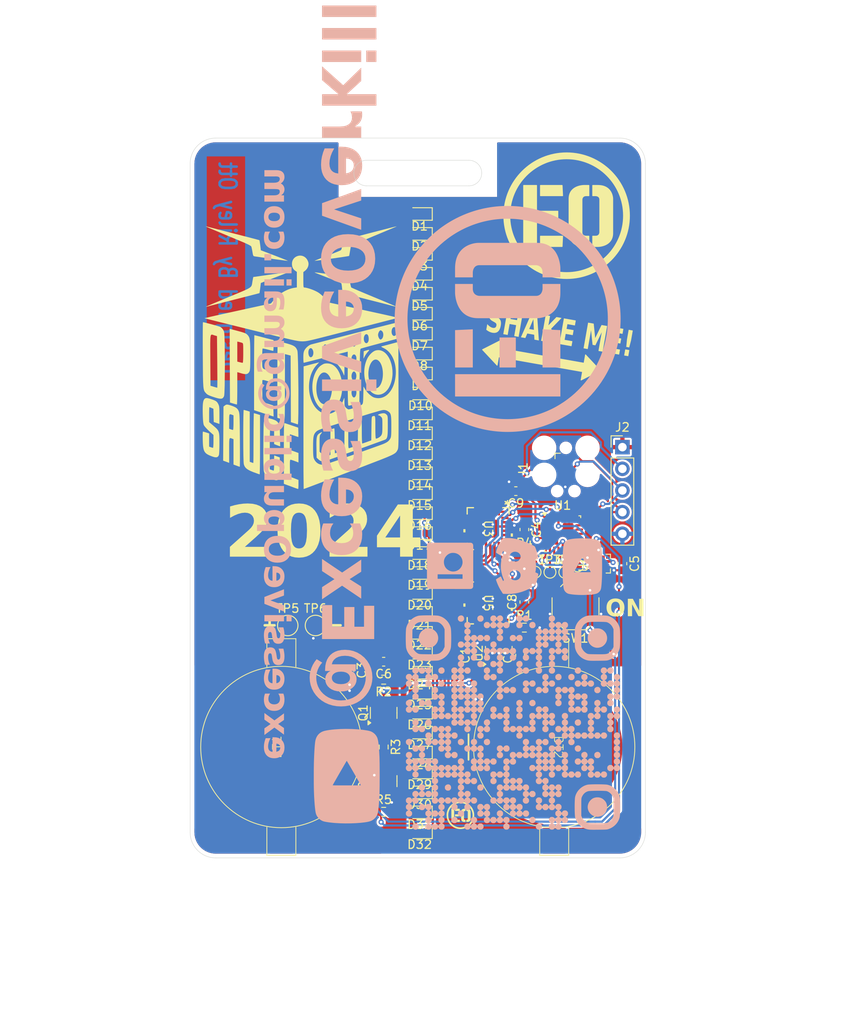
<source format=kicad_pcb>
(kicad_pcb (version 20240108) (generator "pcbnew") (generator_version "8.0")
  (layers (0 "F.Cu" signal) (31 "B.Cu" signal) (34 "B.Paste" user) (35 "F.Paste" user) (36 "B.SilkS" user "B.Silkscreen") (37 "F.SilkS" user "F.Silkscreen") (38 "B.Mask" user) (39 "F.Mask" user) (44 "Edge.Cuts" user))
  (net 0 "")
  (net 2 "Net-(Q1-G)")
  (net 3 "+BATT")
  (net 15 "GND")
  (net 16 "+6V")
  (net 17 "+3.3V")
  (net 18 "RESET")
  (net 19 "Net-(D1-K)")
  (net 20 "Net-(D2-K)")
  (net 21 "Net-(D3-K)")
  (net 22 "Net-(D4-K)")
  (net 23 "Net-(D5-K)")
  (net 24 "Net-(D6-K)")
  (net 25 "Net-(D7-K)")
  (net 26 "Net-(D8-K)")
  (net 27 "Net-(D9-K)")
  (net 28 "Net-(D10-K)")
  (net 29 "Net-(D11-K)")
  (net 30 "Net-(D12-K)")
  (net 31 "Net-(D13-K)")
  (net 32 "Net-(D14-K)")
  (net 33 "Net-(D15-K)")
  (net 34 "Net-(D16-K)")
  (net 35 "Net-(D17-K)")
  (net 36 "Net-(D18-K)")
  (net 37 "Net-(D19-K)")
  (net 38 "Net-(D20-K)")
  (net 39 "Net-(D21-K)")
  (net 40 "Net-(D22-K)")
  (net 41 "Net-(D23-K)")
  (net 42 "Net-(D24-K)")
  (net 43 "Net-(D25-K)")
  (net 44 "Net-(D26-K)")
  (net 45 "Net-(D27-K)")
  (net 46 "Net-(D28-K)")
  (net 47 "Net-(D29-K)")
  (net 48 "Net-(D30-K)")
  (net 49 "Net-(D31-K)")
  (net 50 "Net-(D32-K)")
  (net 51 "SWCLK")
  (net 52 "SWDIO")
  (net 53 "Net-(U5-IREF)")
  (net 54 "KEEP POWER ON")
  (net 55 "Net-(U3-IREF)")
  (net 56 "SCLK")
  (net 57 "MISO")
  (net 58 "WAKE0")
  (net 59 "NSS")
  (net 60 "LATCH")
  (net 61 "SCK")
  (net 62 "WAKE2")
  (net 63 "SDATA")
  (net 64 "BLANK")
  (net 65 "MOSI")
  (net 69 "Net-(BT1--)")
  (net 70 "Net-(Q2-D)")
  (net 71 "Net-(U3-SOUT)")
  (footprint "LED_SMD:LED_0603_1608Metric" (layer "F.Cu") (at 141.7125 112.27418 180)
    (property "Reference" "D21")
    (property "Value" "LED")
  )
  (footprint "TestPoint:TestPoint_Pad_D1.0mm" (layer "F.Cu") (at 155.25 107.5)
    (property "Reference" "TP1")
    (property "Value" "TestPoint")
  )
  (footprint "Capacitor_SMD:C_0603_1608Metric" (layer "F.Cu") (at 154 102.5 -90)
    (property "Reference" "C4")
    (property "Value" ".1uf")
  )
  (footprint "LED_SMD:LED_0603_1608Metric" (layer "F.Cu") (at 141.7125 74.854836 180)
    (property "Reference" "D5")
    (property "Value" "LED")
  )
  (footprint "Resistor_SMD:R_0603_1608Metric" (layer "F.Cu") (at 137.5 120.105 180)
    (property "Reference" "R2")
    (property "Value" "10k")
  )
  (footprint "LED_SMD:LED_0603_1608Metric" (layer "F.Cu") (at 141.7125 133.322561 180)
    (property "Reference" "D30")
    (property "Value" "LED")
  )
  (footprint "Resistor_SMD:R_0603_1608Metric" (layer "F.Cu") (at 154 114)
    (property "Reference" "R1")
    (property "Value" "10k")
  )
  (footprint "footprints:RGE24_2P1X2P1_TEX" (layer "F.Cu") (at 149.75 102.3937 -90)
    (property "Reference" "U3")
    (property "Value" "TLC59283RGER")
  )
  (footprint "LED_SMD:LED_0603_1608Metric" (layer "F.Cu") (at 141.7125 100.580635 180)
    (property "Reference" "D16")
    (property "Value" "LED")
  )
  (footprint "Connector:Tag-Connect_TC2030-IDC-FP_2x03_P1.27mm_Vertical" (layer "F.Cu") (at 158.865 95.46 -90)
    (property "Reference" "J1")
    (property "Value" "Conn_ARM_SWD_TagConnect_TC2030")
  )
  (footprint "LED_SMD:LED_0603_1608Metric" (layer "F.Cu") (at 141.7125 77.193545 180)
    (property "Reference" "D6")
    (property "Value" "LED")
  )
  (footprint "LED_SMD:LED_0603_1608Metric" (layer "F.Cu") (at 141.7125 138 180)
    (property "Reference" "D32")
    (property "Value" "LED")
  )
  (footprint "LED_SMD:LED_0603_1608Metric" (layer "F.Cu") (at 141.7125 107.596762 180)
    (property "Reference" "D19")
    (property "Value" "LED")
  )
  (footprint "LED_SMD:LED_0603_1608Metric" (layer "F.Cu") (at 141.7125 128.645143 180)
    (property "Reference" "D28")
    (property "Value" "LED")
  )
  (footprint "LED_SMD:LED_0603_1608Metric" (layer "F.Cu") (at 141.7125 81.870963 180)
    (property "Reference" "D8")
    (property "Value" "LED")
  )
  (footprint "LED_SMD:LED_0603_1608Metric" (layer "F.Cu") (at 141.7125 91.225799 180)
    (property "Reference" "D12")
    (property "Value" "LED")
  )
  (footprint "Resistor_SMD:R_0603_1608Metric" (layer "F.Cu") (at 137.5 135.6)
    (property "Reference" "R5")
    (property "Value" "10k")
  )
  (footprint "LED_SMD:LED_0603_1608Metric" (layer "F.Cu") (at 141.7125 70.177418 180)
    (property "Reference" "D3")
    (property "Value" "LED")
  )
  (footprint "LED_SMD:LED_0603_1608Metric" (layer "F.Cu") (at 141.7125 102.919344 180)
    (property "Reference" "D17")
    (property "Value" "LED")
  )
  (footprint "TestPoint:TestPoint_Pad_D1.0mm" (layer "F.Cu") (at 160.25 106.75)
    (property "Reference" "TP2")
    (property "Value" "TestPoint")
  )
  (footprint "Capacitor_SMD:C_0603_1608Metric" (layer "F.Cu") (at 133.5 119 -90)
    (property "Reference" "C3")
    (property "Value" "1uf")
  )
  (footprint "TestPoint:TestPoint_Pad_D1.0mm" (layer "F.Cu") (at 158.75 107.5)
    (property "Reference" "TP4")
    (property "Value" "TestPoint")
  )
  (footprint "LED_SMD:LED_0603_1608Metric" (layer "F.Cu") (at 141.7125 114.612889 180)
    (property "Reference" "D22")
    (property "Value" "LED")
  )
  (footprint "TestPoint:TestPoint_Pad_D1.0mm" (layer "F.Cu") (at 157 107.5)
    (property "Reference" "TP3")
    (property "Value" "TestPoint")
  )
  (footprint "LED_SMD:LED_0603_1608Metric" (layer "F.Cu") (at 141.7125 135.66127 180)
    (property "Reference" "D31")
    (property "Value" "LED")
  )
  (footprint "LED_SMD:LED_0603_1608Metric" (layer "F.Cu") (at 141.7125 84.209672 180)
    (property "Reference" "D9")
    (property "Value" "LED")
  )
  (footprint "footprints:cr2032" (layer "F.Cu") (at 157.5 128 -90)
    (property "Reference" "BT2")
    (property "Value" "Battery_Cell")
  )
  (footprint "Package_DFN_QFN:QFN-28_4x4mm_P0.5mm" (layer "F.Cu") (at 158.5 103)
    (property "Reference" "U1")
    (property "Value" "STM32C031G6Ux")
  )
  (footprint "Capacitor_SMD:C_0603_1608Metric" (layer "F.Cu") (at 153.5 117.25 90)
    (property "Reference" "C2")
    (property "Value" "1uf")
  )
  (footprint "LED_SMD:LED_0603_1608Metric" (layer "F.Cu") (at 141.7125 123.967725 180)
    (property "Reference" "D26")
    (property "Value" "LED")
  )
  (footprint "Capacitor_SMD:C_0603_1608Metric" (layer "F.Cu") (at 148.5 117.25 90)
    (property "Reference" "C1")
    (property "Value" "1uf")
  )
  (footprint "EO logos:EO silk 14mm" (layer "F.Cu") (at 158.8 65.7)
    (property "Reference" "REF**" (hide yes))
    (property "Value" "EO silk 14mm" (hide yes))
  )
  (footprint "Resistor_SMD:R_0603_1608Metric" (layer "F.Cu") (at 137.5 128 -90)
    (property "Reference" "R3")
    (property "Value" "1k")
  )
  (footprint "EO logos:EO silk 3mm" (layer "F.Cu") (at 146.5 136)
    (property "Reference" "REF**" (hide yes))
    (property "Value" "EO silk 3mm" (hide yes))
  )
  (footprint "LED_SMD:LED_0603_1608Metric" (layer "F.Cu") (at 141.7125 121.629016 180)
    (property "Reference" "D25")
    (property "Value" "LED")
  )
  (footprint "Button_Switch_SMD:SW_Push_1P1T_XKB_TS-1187A" (layer "F.Cu") (at 160 111.5 180)
    (property "Reference" "SW1")
    (property "Value" "SW_Push")
  )
  (footprint "Package_TO_SOT_SMD:SOT-23" (layer "F.Cu") (at 137.5 124 90)
    (property "Reference" "Q1")
    (property "Value" "Q_PMOS_GSD")
  )
  (footprint "LED_SMD:LED_0603_1608Metric" (layer "F.Cu") (at 141.7125 72.516127 180)
    (property "Reference" "D4")
    (property "Value" "LED")
  )
  (footprint "footprints:SOT25" (layer "F.Cu") (at 151 117 90)
    (property "Reference" "U2")
    (property "Value" "AP7370-33WW-7")
  )
  (footprint "Package_LGA:LGA-12_2x2mm_P0.5mm" (layer "F.Cu") (at 163 106.5 90)
    (property "Reference" "U4")
    (property "Value" "MC3419")
  )
  (footprint "footprints:RGE24_2P1X2P1_TEX" (layer "F.Cu") (at 149.75 111.1063 -90)
    (property "Reference" "U5")
    (property "Value" "TLC59283RGER")
  )
  (footprint "LED_SMD:LED_0603_1608Metric" (layer "F.Cu") (at 141.7125 88.88709 180)
    (property "Reference" "D11")
    (property "Value" "LED")
  )
  (footprint "TestPoint:TestPoint_Pad_D2.0mm" (layer "F.Cu") (at 129.5 113.75)
    (property "Reference" "TP6")
    (property "Value" "TestPoint")
  )
  (footprint "LED_SMD:LED_0603_1608Metric" (layer "F.Cu") (at 141.7125 65.5 180)
    (property "Reference" "D1")
    (property "Value" "LED")
  )
  (footprint "Capacitor_SMD:C_0603_1608Metric" (layer "F.Cu") (at 137.5 118 180)
    (property "Reference" "C6")
    (property "Value" ".1uf")
  )
  (footprint "LED_SMD:LED_0603_1608Metric" (layer "F.Cu") (at 141.7125 105.258053 180)
    (property "Reference" "D18")
    (property "Value" "LED")
  )
  (footprint "Capacitor_SMD:C_0603_1608Metric" (layer "F.Cu") (at 153 98 180)
    (property "Reference" "C9")
    (property "Value" ".1uf")
  )
  (footprint "LED_SMD:LED_0603_1608Metric" (layer "F.Cu") (at 141.7125 79.532254 180)
    (property "Reference" "D7")
    (property "Value" "LED")
  )
  (footprint "Capacitor_SMD:C_0603_1608Metric" (layer "F.Cu") (at 154 111 90)
    (property "Reference" "C8")
    (property "Value" ".1uf")
  )
  (footprint "LED_SMD:LED_0603_1608Metric" (layer "F.Cu") (at 141.7125 126.306434 180)
    (property "Reference" "D27")
    (property "Value" "LED")
  )
  (footprint "TestPoint:TestPoint_Pad_D2.0mm" (layer "F.Cu") (at 126.25 113.75)
    (property "Reference" "TP5")
    (property "Value" "TestPoint")
  )
  (footprint "LED_SMD:LED_0603_1608Metric" (layer "F.Cu") (at 141.7125 86.548381 180)
    (property "Reference" "D10")
    (property "Value" "LED")
  )
  (footprint "LED_SMD:LED_0603_1608Metric" (layer "F.Cu") (at 141.7125 93.564508 180)
    (property "Reference" "D13")
    (property "Value" "LED")
  )
  (footprint "LED_SMD:LED_0603_1608Metric" (layer "F.Cu") (at 141.7125 109.935471 180)
    (property "Reference" "D20")
    (property "Value" "LED")
  )
  (footprint "Resistor_SMD:R_0603_1608Metric" (layer "F.Cu") (at 154 105.5)
    (property "Reference" "R4")
    (property "Value" "10k")
  )
  (footprint "LED_SMD:LED_0603_1608Metric" (layer "F.Cu") (at 141.7125 116.951598 180)
    (property "Reference" "D23")
    (property "Value" "LED")
  )
  (footprint "Package_TO_SOT_SMD:SOT-23" (layer "F.Cu") (at 137.5 132 90)
    (property "Reference" "Q2")
    (property "Value" "Q_NMOS_GSD")
  )
  (footprint "LED_SMD:LED_0603_1608Metric" (layer "F.Cu") (at 141.7125 95.903217 180)
    (property "Reference" "D14")
    (property "Value" "LED")
  )
  (footprint "LED_SMD:LED_0603_1608Metric" (layer "F.Cu") (at 141.7125 98.241926 180)
    (property "Reference" "D15")
    (property "Value" "LED")
  )
  (footprint "Capacitor_SMD:C_0603_1608Metric" (layer "F.Cu") (at 165.5 106.5 -90)
    (property "Reference" "C5")
    (property "Value" ".1uf")
  )
  (footprint "LED_SMD:LED_0603_1608Metric" (layer "F.Cu") (at 141.7125 67.838709 180)
    (property "Reference" "D2")
    (property "Value" "LED")
  )
  (footprint "footprints:cr2032" (layer "F.Cu") (at 125.5 128 90)
    (property "Reference" "BT1")
    (property "Value" "Battery_Cell")
  )
  (footprint "Connector_PinHeader_2.54mm:PinHeader_1x05_P2.54mm_Vertical" (layer "F.Cu") (at 165.5 92.84)
    (property "Reference" "J2")
    (property "Value" "Conn_01x05_Pin")
  )
  (footprint "LED_SMD:LED_0603_1608Metric" (layer "F.Cu") (at 141.7125 130.983852 180)
    (property "Reference" "D29")
    (property "Value" "LED")
  )
  (footprint "LED_SMD:LED_0603_1608Metric" (layer "F.Cu") (at 141.7125 119.290307 180)
    (property "Reference" "D24")
    (property "Value" "LED")
  )
  (gr_poly (pts (xy 154.941523 120.187588) (xy 154.913911 120.190832) (xy 154.886196 120.195793) (xy 154.858631 120.202427) (xy 154.831465 120.210694) (xy 154.80495 120.220552) (xy 154.779338 120.231958) (xy 154.754879 120.244871) (xy 154.731824 120.25925) (xy 154.710426 120.275051) (xy 154.700426 120.283472) (xy 154.690934 120.292234) (xy 154.681528 120.3013) (xy 154.672392 120.310589) (xy 154.663573 120.320027) (xy 154.655116 120.32954) (xy 154.647068 120.339053) (xy 154.639476 120.348491) (xy 154.632387 120.357781) (xy 154.625846 120.366847) (xy 154.619901 120.375615) (xy 154.614597 120.384012) (xy 154.609982 120.391962) (xy 154.606102 120.399391) (xy 154.603003 120.406225) (xy 154.600731 120.412389) (xy 154.599921 120.415196) (xy 154.599335 120.417809) (xy 154.598979 120.420216) (xy 154.598859 120.42241) (xy 154.598813 120.424484) (xy 154.598676 120.426536) (xy 154.598453 120.428564) (xy 154.598146 120.430564) (xy 154.597757 120.432534) (xy 154.597289 120.434471) (xy 154.596746 120.436372) (xy 154.59613 120.438235) (xy 154.595445 120.440055) (xy 154.594692 120.44183) (xy 154.593876 120.443558) (xy 154.592999 120.445236) (xy 154.592063 120.446859) (xy 154.591072 120.448427) (xy 154.590029 120.449935) (xy 154.588937 120.451381) (xy 154.587798 120.452762) (xy 154.586615 120.454075) (xy 154.585392 120.455316) (xy 154.584131 120.456484) (xy 154.582835 120.457576) (xy 154.581507 120.458587) (xy 154.58015 120.459517) (xy 154.578767 120.46036) (xy 154.577361 120.461116) (xy 154.575934 120.46178) (xy 154.57449 120.462349) (xy 154.573031 120.462822) (xy 154.571561 120.463195) (xy 154.570082 120.463465) (xy 154.568597 120.463629) (xy 154.567109 120.463684) (xy 154.565342 120.463629) (xy 154.563613 120.463465) (xy 154.561924 120.463195) (xy 154.560275 120.462822) (xy 154.558668 120.462349) (xy 154.557105 120.46178) (xy 154.555585 120.461116) (xy 154.554111 120.46036) (xy 154.552683 120.459517) (xy 154.551304 120.458587) (xy 154.549972 120.457576) (xy 154.548691 120.456484) (xy 154.547461 120.455316) (xy 154.546284 120.454075) (xy 154.54516 120.452762) (xy 154.54409 120.451381) (xy 154.54212 120.448427) (xy 154.540382 120.445236) (xy 154.538886 120.44183) (xy 154.537641 120.438235) (xy 154.536657 120.434471) (xy 154.535942 120.430564) (xy 154.535506 120.426536) (xy 154.535359 120.42241) (xy 154.53523 120.420216) (xy 154.534847 120.417807) (xy 154.533344 120.412376) (xy 154.530901 120.406183) (xy 154.52757 120.399292) (xy 154.523402 120.391768) (xy 154.518448 120.383677) (xy 154.51276 120.375083) (xy 154.506387 120.366053) (xy 154.499382 120.35665) (xy 154.491796 120.346941) (xy 154.483679 120.336989) (xy 154.475084 120.326861) (xy 154.46606 120.316621) (xy 154.45666 120.306335) (xy 154.446934 120.296067) (xy 154.436934 120.285883) (xy 154.422432 120.272292) (xy 154.408576 120.260049) (xy 154.395194 120.24909) (xy 154.382115 120.23935) (xy 154.369167 120.230763) (xy 154.356176 120.223265) (xy 154.342971 120.216789) (xy 154.329381 120.211272) (xy 154.315232 120.206647) (xy 154.300353 120.202851) (xy 154.284572 120.199817) (xy 154.267716 120.19748) (xy 154.249614 120.195777) (xy 154.230094 120.19464) (xy 154.208983 120.194006) (xy 154.186109 120.193809) (xy 154.161663 120.194009) (xy 154.139371 120.194665) (xy 154.119004 120.19586) (xy 154.100334 120.197679) (xy 154.083135 120.200204) (xy 154.075015 120.201758) (xy 154.067177 120.20352) (xy 154.059592 120.205501) (xy 154.052233 120.207711) (xy 154.045069 120.21016) (xy 154.038074 120.212859) (xy 154.031219 120.215819) (xy 154.024475 120.21905) (xy 154.017813 120.222562) (xy 154.011205 120.226365) (xy 154.004623 120.230472) (xy 153.998037 120.23489) (xy 153.984744 120.244708) (xy 153.971098 120.255903) (xy 153.95687 120.268558) (xy 153.941833 120.282757) (xy 153.925759 120.298584) (xy 153.909932 120.314658) (xy 153.895733 120.329695) (xy 153.883078 120.343923) (xy 153.871883 120.357569) (xy 153.862065 120.370863) (xy 153.85354 120.38403) (xy 153.846224 120.3973) (xy 153.840034 120.4109) (xy 153.834886 120.425058) (xy 153.830695 120.440002) (xy 153.827379 120.45596) (xy 153.824854 120.47316) (xy 153.823035 120.491829) (xy 153.82184 120.512196) (xy 153.821184 120.534489) (xy 153.820984 120.558934) (xy 153.821181 120.581808) (xy 153.821815 120.602919) (xy 153.822951 120.62244) (xy 153.824655 120.640541) (xy 153.826991 120.657397) (xy 153.830025 120.673178) (xy 153.833822 120.688057) (xy 153.836027 120.695212) (xy 153.838447 120.702206) (xy 153.84109 120.70906) (xy 153.843964 120.715796) (xy 153.847078 120.722436) (xy 153.85044 120.729001) (xy 153.857938 120.741991) (xy 153.866525 120.75494) (xy 153.876266 120.768019) (xy 153.887225 120.7814) (xy 153.899467 120.795256) (xy 153.913058 120.809758) (xy 153.923242 120.819759) (xy 153.93351 120.829484) (xy 153.943796 120.838885) (xy 153.954036 120.847908) (xy 153.964164 120.856504) (xy 153.974116 120.86462) (xy 153.983825 120.872207) (xy 153.993228 120.879212) (xy 154.002258 120.885585) (xy 154.010851 120.891273) (xy 154.018942 120.896227) (xy 154.026466 120.900395) (xy 154.033357 120.903726) (xy 154.03955 120.906169) (xy 154.042365 120.907041) (xy 154.044981 120.907672) (xy 154.04739 120.908055) (xy 154.049583 120.908184) (xy 154.051657 120.908221) (xy 154.05371 120.908331) (xy 154.055738 120.908514) (xy 154.057738 120.908767) (xy 154.059708 120.90909) (xy 154.061646 120.909482) (xy 154.063547 120.909941) (xy 154.065409 120.910466) (xy 154.067229 120.911057) (xy 154.069005 120.911711) (xy 154.070733 120.912428) (xy 154.07241 120.913207) (xy 154.074034 120.914046) (xy 154.075602 120.914945) (xy 154.07711 120.915901) (xy 154.078556 120.916915) (xy 154.079937 120.917984) (xy 154.081249 120.919109) (xy 154.082491 120.920286) (xy 154.083659 120.921516) (xy 154.084751 120.922797) (xy 154.085762 120.924128) (xy 154.086692 120.925508) (xy 154.087535 120.926936) (xy 154.08829 120.92841) (xy 154.088955 120.92993) (xy 154.089524 120.931493) (xy 154.089997 120.9331) (xy 154.09037 120.934749) (xy 154.09064 120.936438) (xy 154.090804 120.938167) (xy 154.090859 120.939934) (xy 154.090804 120.941422) (xy 154.09064 120.942907) (xy 154.09037 120.944386) (xy 154.089997 120.945856) (xy 154.089524 120.947315) (xy 154.088955 120.948759) (xy 154.08829 120.950186) (xy 154.087535 120.951592) (xy 154.086692 120.952976) (xy 154.085762 120.954333) (xy 154.083659 120.956957) (xy 154.081249 120.959441) (xy 154.078556 120.961762) (xy 154.075602 120.963898) (xy 154.07241 120.965824) (xy 154.069005 120.967518) (xy 154.065409 120.968956) (xy 154.061646 120.970115) (xy 154.059708 120.970582) (xy 154.057738 120.970971) (xy 154.055738 120.971279) (xy 154.05371 120.971502) (xy 154.051657 120.971638) (xy 154.049583 120.971685) (xy 154.04739 120.971814) (xy 154.044981 120.972197) (xy 154.03955 120.9737) (xy 154.033357 120.976142) (xy 154.026466 120.979473) (xy 154.018942 120.983641) (xy 154.010851 120.988595) (xy 154.002258 120.994283) (xy 153.993228 121.000656) (xy 153.983825 121.007661) (xy 153.974116 121.015247) (xy 153.964164 121.023363) (xy 153.954036 121.031959) (xy 153.943796 121.040982) (xy 153.93351 121.050382) (xy 153.923242 121.060108) (xy 153.913058 121.070108) (xy 153.899467 121.084611) (xy 153.887225 121.098466) (xy 153.876266 121.111848) (xy 153.866525 121.124927) (xy 153.857938 121.137876) (xy 153.85044 121.150867) (xy 153.843964 121.164071) (xy 153.838447 121.177662) (xy 153.833822 121.191811) (xy 153.830025 121.20669) (xy 153.826991 121.222471) (xy 153.824655 121.239327) (xy 153.822951 121.257429) (xy 153.821815 121.276949) (xy 153.821181 121.298061) (xy 153.820984 121.320934) (xy 153.821184 121.34538) (xy 153.82184 121.367672) (xy 153.823035 121.388039) (xy 153.824854 121.406709) (xy 153.827379 121.423908) (xy 153.828933 121.432028) (xy 153.830695 121.439866) (xy 153.832676 121.44745) (xy 153.834886 121.45481) (xy 153.837335 121.461973) (xy 153.840034 121.468968) (xy 153.842994 121.475823) (xy 153.846224 121.482568) (xy 153.849736 121.48923) (xy 153.85354 121.495837) (xy 153.857646 121.50242) (xy 153.862065 121.509005) (xy 153.871883 121.522298) (xy 153.883078 121.535944) (xy 153.895733 121.550172) (xy 153.909932 121.565209) (xy 153.925759 121.581284) (xy 153.941833 121.597111) (xy 153.95687 121.61131) (xy 153.971098 121.623965) (xy 153.984744 121.63516) (xy 153.998037 121.644978) (xy 154.011205 121.653503) (xy 154.024475 121.660819) (xy 154.038074 121.667009) (xy 154.052233 121.672158) (xy 154.067177 121.676348) (xy 154.083135 121.679664) (xy 154.100334 121.68219) (xy 154.119004 121.684008) (xy 154.139371 121.685204) (xy 154.161663 121.68586) (xy 154.186109 121.68606) (xy 154.210555 121.68586) (xy 154.232847 121.685204) (xy 154.253214 121.684008) (xy 154.271883 121.68219) (xy 154.289083 121.679664) (xy 154.297203 121.67811) (xy 154.305041 121.676348) (xy 154.312625 121.674368) (xy 154.319985 121.672158) (xy 154.327148 121.669709) (xy 154.334143 121.667009) (xy 154.340998 121.66405) (xy 154.347743 121.660819) (xy 154.354405 121.657307) (xy 154.361012 121.653503) (xy 154.367595 121.649397) (xy 154.37418 121.644978) (xy 154.387473 121.63516) (xy 154.401119 121.623965) (xy 154.415347 121.61131) (xy 154.430384 121.597111) (xy 154.446458 121.581284) (xy 154.462285 121.565209) (xy 154.476485 121.550172) (xy 154.48914 121.535944) (xy 154.500334 121.522298) (xy 154.510152 121.509005) (xy 154.518678 121.495837) (xy 154.525993 121.482568) (xy 154.532184 121.468968) (xy 154.537332 121.45481) (xy 154.541523 121.439866) (xy 154.544839 121.423908) (xy 154.547364 121.406709) (xy 154.549183 121.388039) (xy 154.550378 121.367672) (xy 154.551034 121.34538) (xy 154.551234 121.320934) (xy 154.551037 121.298061) (xy 154.550403 121.276949) (xy 154.549266 121.257429) (xy 154.547563 121.239327) (xy 154.545226 121.222471) (xy 154.542192 121.20669) (xy 154.538396 121.191811) (xy 154.536191 121.184656) (xy 154.533771 121.177662) (xy 154.531128 121.170808) (xy 154.528254 121.164071) (xy 154.52514 121.157432) (xy 154.521778 121.150867) (xy 154.51428 121.137876) (xy 154.505693 121.124927) (xy 154.495952 121.111848) (xy 154.484993 121.098466) (xy 154.472751 121.084611) (xy 154.459159 121.070108) (xy 154.448975 121.060108) (xy 154.438708 121.050382) (xy 154.428421 121.040982) (xy 154.418181 121.031959) (xy 154.408053 121.023363) (xy 154.398102 121.015247) (xy 154.388392 121.007661) (xy 154.37899 121.000656) (xy 154.369959 120.994283) (xy 154.361366 120.988595) (xy 154.353275 120.983641) (xy 154.345752 120.979473) (xy 154.338861 120.976142) (xy 154.332667 120.9737) (xy 154.329852 120.972828) (xy 154.327236 120.972197) (xy 154.324827 120.971814) (xy 154.322634 120.971685) (xy 154.32056 120.971638) (xy 154.318507 120.971502) (xy 154.31648 120.971279) (xy 154.314479 120.970971) (xy 154.312509 120.970582) (xy 154.310572 120.970115) (xy 154.30867 120.969572) (xy 154.306808 120.968956) (xy 154.304988 120.96827) (xy 154.303212 120.967518) (xy 154.301484 120.966702) (xy 154.299807 120.965824) (xy 154.298183 120.964889) (xy 154.296616 120.963898) (xy 154.295108 120.962855) (xy 154.293662 120.961762) (xy 154.292281 120.960623) (xy 154.290968 120.959441) (xy 154.289726 120.958218) (xy 154.288558 120.956957) (xy 154.287467 120.955661) (xy 154.286455 120.954333) (xy 154.285526 120.952976) (xy 154.284682 120.951592) (xy 154.283927 120.950186) (xy 154.283263 120.948759) (xy 154.282693 120.947315) (xy 154.282221 120.945856) (xy 154.281848 120.944386) (xy 154.281578 120.942907) (xy 154.281414 120.941422) (xy 154.281359 120.939934) (xy 154.281405 120.938167) (xy 154.281542 120.936438) (xy 154.281769 120.934749) (xy 154.282084 120.9331) (xy 154.282485 120.931493) (xy 154.28297 120.92993) (xy 154.283538 120.92841) (xy 154.284186 120.926936) (xy 154.284914 120.925508) (xy 154.285719 120.924128) (xy 154.286599 120.922797) (xy 154.287554 120.921516) (xy 154.28858 120.920286) (xy 154.289677 120.919109) (xy 154.290842 120.917984) (xy 154.292074 120.916915) (xy 154.293372 120.915901) (xy 154.294732 120.914945) (xy 154.296155 120.914046) (xy 154.297637 120.913207) (xy 154.299177 120.912428) (xy 154.300774 120.911711) (xy 154.302425 120.911057) (xy 154.304129 120.910466) (xy 154.305885 120.909941) (xy 154.30769 120.909482) (xy 154.31144 120.908767) (xy 154.315368 120.908331) (xy 154.319458 120.908184) (xy 154.324547 120.907718) (xy 154.330255 120.906353) (xy 154.33653 120.90414) (xy 154.343321 120.901127) (xy 154.358247 120.892906) (xy 154.374624 120.88209) (xy 154.392043 120.869078) (xy 154.410095 120.854271) (xy 154.42837 120.838069) (xy 154.446459 120.820871) (xy 154.463952 120.803078) (xy 154.480441 120.78509) (xy 154.495516 120.767307) (xy 154.508768 120.750128) (xy 154.519788 120.733954) (xy 154.528166 120.719184) (xy 154.531236 120.712451) (xy 154.533492 120.706219) (xy 154.534884 120.700538) (xy 154.535359 120.695459) (xy 154.535396 120.693385) (xy 154.535506 120.691333) (xy 154.535689 120.689305) (xy 154.535942 120.687304) (xy 154.536265 120.685334) (xy 154.536657 120.683397) (xy 154.537116 120.681495) (xy 154.537641 120.679633) (xy 154.538231 120.677813) (xy 154.538886 120.676037) (xy 154.539603 120.67431) (xy 154.540382 120.672632) (xy 154.541221 120.671008) (xy 154.54212 120.669441) (xy 154.543076 120.667933) (xy 154.54409 120.666487) (xy 154.54516 120.665106) (xy 154.546284 120.663794) (xy 154.547461 120.662552) (xy 154.548691 120.661384) (xy 154.549972 120.660292) (xy 154.551304 120.659281) (xy 154.552683 120.658352) (xy 154.554111 120.657508) (xy 154.555585 120.656753) (xy 154.557105 120.656089) (xy 154.558668 120.655519) (xy 154.560275 120.655046) (xy 154.561924 120.654674) (xy 154.563613 120.654404) (xy 154.565342 120.65424) (xy 154.567109 120.654184) (xy 154.568597 120.65424) (xy 154.570082 120.654404) (xy 154.571561 120.654674) (xy 154.573031 120.655046) (xy 154.57449 120.655519) (xy 154.575934 120.656089) (xy 154.577361 120.656753) (xy 154.578767 120.657508) (xy 154.58015 120.658352) (xy 154.581507 120.659281) (xy 154.584131 120.661384) (xy 154.586615 120.663794) (xy 154.588937 120.666487) (xy 154.591072 120.669441) (xy 154.592999 120.672632) (xy 154.594692 120.676037) (xy 154.59613 120.679633) (xy 154.597289 120.683397) (xy 154.597757 120.685334) (xy 154.598146 120.687304) (xy 154.598453 120.689305) (xy 154.598676 120.691333) (xy 154.598813 120.693385) (xy 154.598859 120.695459) (xy 154.598988 120.697653) (xy 154.599371 120.700062) (xy 154.600874 120.705492) (xy 154.603317 120.711686) (xy 154.606647 120.718577) (xy 154.610815 120.7261) (xy 154.615769 120.734191) (xy 154.621458 120.742784) (xy 154.627831 120.751815) (xy 154.634836 120.761217) (xy 154.642422 120.770927) (xy 154.650538 120.780878) (xy 154.659134 120.791006) (xy 154.668158 120.801246) (xy 154.677558 120.811532) (xy 154.687284 120.8218) (xy 154.697284 120.831984) (xy 154.711786 120.845575) (xy 154.725642 120.857818) (xy 154.739023 120.868777) (xy 154.752102 120.878518) (xy 154.765051 120.887105) (xy 154.778042 120.894604) (xy 154.791246 120.901079) (xy 154.804837 120.906597) (xy 154.818986 120.911221) (xy 154.833865 120.915018) (xy 154.849646 120.918052) (xy 154.866501 120.920388) (xy 154.884603 120.922092) (xy 154.904124 120.923228) (xy 154.925235 120.923863) (xy 154.948109 120.924059) (xy 154.972554 120.923859) (xy 154.994847 120.923204) (xy 155.015214 120.922008) (xy 155.033883 120.92019) (xy 155.051083 120.917664) (xy 155.059203 120.91611) (xy 155.067041 120.914348) (xy 155.074625 120.912368) (xy 155.081985 120.910158) (xy 155.089148 120.907709) (xy 155.096143 120.905009) (xy 155.102998 120.90205) (xy 155.109743 120.898819) (xy 155.116405 120.895307) (xy 155.123013 120.891503) (xy 155.129595 120.887397) (xy 155.13618 120.882978) (xy 155.149473 120.87316) (xy 155.163119 120.861966) (xy 155.177347 120.849311) (xy 155.192384 120.835112) (xy 155.208458 120.819285) (xy 155.224285 120.803211) (xy 155.238485 120.788179) (xy 155.25114 120.773966) (xy 155.262335 120.760348) (xy 155.272153 120.747102) (xy 155.280678 120.734005) (xy 155.287993 120.720834) (xy 155.294184 120.707365) (xy 155.299332 120.693375) (xy 155.303523 120.678641) (xy 155.306839 120.66294) (xy 155.309364 120.646048) (xy 155.311183 120.627742) (xy 155.312378 120.607799) (xy 155.313034 120.585996) (xy 155.313234 120.562109) (xy 155.313002 120.546743) (xy 155.312307 120.531605) (xy 155.311154 120.5167) (xy 155.309544 120.502032) (xy 155.307481 120.487605) (xy 155.304967 120.473426) (xy 155.302005 120.459497) (xy 155.298599 120.445824) (xy 155.294751 120.432412) (xy 155.290464 120.419264) (xy 155.285741 120.406387) (xy 155.280585 120.393784) (xy 155.274998 120.38146) (xy 155.268984 120.369419) (xy 155.262546 120.357667) (xy 155.255687 120.346208) (xy 155.248409 120.335047) (xy 155.240715 120.324188) (xy 155.232608 120.313636) (xy 155.224092 120.303395) (xy 155.215168 120.293471) (xy 155.205841 120.283868) (xy 155.196112 120.27459) (xy 155.185986 120.265643) (xy 155.175464 120.25703) (xy 155.164549 120.248757) (xy 155.153245 120.240828) (xy 155.141554 120.233248) (xy 155.12948 120.226021) (xy 155.117025 120.219152) (xy 155.104192 120.212646) (xy 155.090984 120.206508) (xy 155.080338 120.202293) (xy 155.069259 120.198576) (xy 155.045926 120.192611) (xy 155.021235 120.188572) (xy 154.995436 120.186416) (xy 154.968782 120.186102)) (stroke (width -0.000001)) (fill solid) (layer "B.SilkS"))
  (gr_poly (pts (xy 156.461393 119.424696) (xy 156.43345 119.428312) (xy 156.405434 119.433793) (xy 156.377566 119.441097) (xy 156.35007 119.450183) (xy 156.323169 119.461008) (xy 156.297087 119.47353) (xy 156.272046 119.487708) (xy 156.248271 119.5035) (xy 156.225984 119.520864) (xy 156.215469 119.530122) (xy 156.205409 119.539758) (xy 156.190699 119.555308) (xy 156.177479 119.569952) (xy 156.165672 119.583898) (xy 156.155204 119.597355) (xy 156.146001 119.610533) (xy 156.137989 119.623642) (xy 156.131094 119.63689) (xy 156.12524 119.650487) (xy 156.120353 119.664642) (xy 156.11636 119.679565) (xy 156.113185 119.695464) (xy 156.110754 119.712549) (xy 156.108993 119.731029) (xy 156.107827 119.751114) (xy 156.107182 119.773012) (xy 156.106983 119.796934) (xy 156.10718 119.819808) (xy 156.107814 119.840919) (xy 156.108951 119.86044) (xy 156.110655 119.878542) (xy 156.112991 119.895397) (xy 156.116025 119.911178) (xy 156.119822 119.926057) (xy 156.122026 119.933212) (xy 156.124446 119.940206) (xy 156.127089 119.94706) (xy 156.129964 119.953796) (xy 156.133078 119.960436) (xy 156.136439 119.967001) (xy 156.143938 119.979991) (xy 156.152525 119.99294) (xy 156.162265 120.006019) (xy 156.173225 120.0194) (xy 156.185467 120.033256) (xy 156.199059 120.047758) (xy 156.209242 120.057759) (xy 156.21951 120.067484) (xy 156.229796 120.076885) (xy 156.240036 120.085908) (xy 156.250164 120.094504) (xy 156.260115 120.10262) (xy 156.269825 120.110207) (xy 156.279227 120.117212) (xy 156.288258 120.123584) (xy 156.296851 120.129273) (xy 156.304942 120.134227) (xy 156.312465 120.138395) (xy 156.319356 120.141726) (xy 156.32555 120.144169) (xy 156.328364 120.145041) (xy 156.33098 120.145672) (xy 156.333389 120.146055) (xy 156.335583 120.146184) (xy 156.337657 120.146221) (xy 156.339709 120.146331) (xy 156.341737 120.146514) (xy 156.343738 120.146767) (xy 156.345708 120.14709) (xy 156.347645 120.147482) (xy 156.349546 120.147941) (xy 156.351409 120.148466) (xy 156.353229 120.149056) (xy 156.355004 120.149711) (xy 156.356732 120.150428) (xy 156.35841 120.151207) (xy 156.360034 120.152046) (xy 156.361601 120.152945) (xy 156.363109 120.153901) (xy 156.364555 120.154915) (xy 156.365936 120.155985) (xy 156.367249 120.157109) (xy 156.368491 120.158286) (xy 156.369659 120.159516) (xy 156.37075 120.160797) (xy 156.371762 120.162129) (xy 156.372691 120.163509) (xy 156.373535 120.164936) (xy 156.37429 120.16641) (xy 156.374954 120.16793) (xy 156.375524 120.169494) (xy 156.375997 120.1711) (xy 156.376369 120.172749) (xy 156.376639 120.174438) (xy 156.376803 120.176167) (xy 156.376859 120.177935) (xy 156.376803 120.179422) (xy 156.376639 120.180907) (xy 156.376369 120.182386) (xy 156.375997 120.183857) (xy 156.375524 120.185315) (xy 156.374954 120.18676) (xy 156.37429 120.188186) (xy 156.373535 120.189593) (xy 156.372691 120.190976) (xy 156.371762 120.192333) (xy 156.369659 120.194957) (xy 156.367249 120.197441) (xy 156.364555 120.199763) (xy 156.361601 120.201898) (xy 156.35841 120.203824) (xy 156.355004 120.205518) (xy 156.351409 120.206956) (xy 156.347645 120.208115) (xy 156.345708 120.208582) (xy 156.343738 120.208971) (xy 156.341737 120.209279) (xy 156.339709 120.209502) (xy 156.337657 120.209638) (xy 156.335583 120.209684) (xy 156.333389 120.209814) (xy 156.33098 120.210197) (xy 156.32555 120.2117) (xy 156.319356 120.214142) (xy 156.312465 120.217473) (xy 156.304942 120.221641) (xy 156.296851 120.226595) (xy 156.288258 120.232283) (xy 156.279227 120.238656) (xy 156.269825 120.245661) (xy 156.260115 120.253247) (xy 156.250164 120.261363) (xy 156.240036 120.269959) (xy 156.229796 120.278983) (xy 156.21951 120.288383) (xy 156.209242 120.298109) (xy 156.199059 120.308109) (xy 156.185467 120.322611) (xy 156.173225 120.336467) (xy 156.162265 120.349848) (xy 156.152525 120.362927) (xy 156.143938 120.375876) (xy 156.136439 120.388867) (xy 156.129964 120.402072) (xy 156.124446 120.415662) (xy 156.119822 120.429811) (xy 156.116025 120.44469) (xy 156.112991 120.460471) (xy 156.110655 120.477327) (xy 156.108951 120.495429) (xy 156.107814 120.514949) (xy 156.10718 120.536061) (xy 156.106983 120.558934) (xy 156.10718 120.581808) (xy 156.107814 120.602919) (xy 156.108951 120.62244) (xy 156.110655 120.640541) (xy 156.112991 120.657397) (xy 156.116025 120.673178) (xy 156.119822 120.688057) (xy 156.122026 120.695212) (xy 156.124446 120.702206) (xy 156.127089 120.70906) (xy 156.129964 120.715796) (xy 156.133078 120.722436) (xy 156.136439 120.729001) (xy 156.143938 120.741991) (xy 156.152525 120.75494) (xy 156.162265 120.768019) (xy 156.173225 120.7814) (xy 156.185467 120.795256) (xy 156.199059 120.809758) (xy 156.209242 120.819759) (xy 156.21951 120.829484) (xy 156.229796 120.838885) (xy 156.240036 120.847908) (xy 156.250164 120.856504) (xy 156.260115 120.86462) (xy 156.269825 120.872207) (xy 156.279227 120.879212) (xy 156.288258 120.885585) (xy 156.296851 120.891273) (xy 156.304942 120.896227) (xy 156.312465 120.900395) (xy 156.319356 120.903726) (xy 156.32555 120.906169) (xy 156.328364 120.907041) (xy 156.33098 120.907672) (xy 156.333389 120.908055) (xy 156.335583 120.908184) (xy 156.337657 120.908221) (xy 156.339709 120.908331) (xy 156.341737 120.908514) (xy 156.343738 120.908767) (xy 156.345708 120.90909) (xy 156.347645 120.909482) (xy 156.349546 120.909941) (xy 156.351409 120.910466) (xy 156.353229 120.911057) (xy 156.355004 120.911711) (xy 156.356732 120.912428) (xy 156.35841 120.913207) (xy 156.360034 120.914046) (xy 156.361601 120.914945) (xy 156.363109 120.915901) (xy 156.364555 120.916915) (xy 156.365936 120.917984) (xy 156.367249 120.919109) (xy 156.368491 120.920286) (xy 156.369659 120.921516) (xy 156.37075 120.922797) (xy 156.371762 120.924128) (xy 156.372691 120.925508) (xy 156.373535 120.926936) (xy 156.37429 120.92841) (xy 156.374954 120.92993) (xy 156.375524 120.931493) (xy 156.375997 120.9331) (xy 156.376369 120.934749) (xy 156.376639 120.936438) (xy 156.376803 120.938167) (xy 156.376859 120.939934) (xy 156.376812 120.941422) (xy 156.376675 120.942907) (xy 156.376448 120.944386) (xy 156.376133 120.945856) (xy 156.375732 120.947315) (xy 156.375247 120.948759) (xy 156.374679 120.950186) (xy 156.374031 120.951592) (xy 156.373303 120.952976) (xy 156.372498 120.954333) (xy 156.371618 120.955661) (xy 156.370664 120.956957) (xy 156.369637 120.958218) (xy 156.368541 120.959441) (xy 156.367375 120.960623) (xy 156.366143 120.961762) (xy 156.364846 120.962855) (xy 156.363485 120.963898) (xy 156.362063 120.964889) (xy 156.360581 120.965824) (xy 156.35904 120.966702) (xy 156.357444 120.967518) (xy 156.355792 120.96827) (xy 156.354088 120.968956) (xy 156.352333 120.969572) (xy 156.350528 120.970115) (xy 156.348675 120.970582) (xy 156.346777 120.970971) (xy 156.344834 120.971279) (xy 156.342849 120.971502) (xy 156.340823 120.971638) (xy 156.338759 120.971685) (xy 156.33367 120.972151) (xy 156.327962 120.973515) (xy 156.321687 120.975729) (xy 156.314896 120.978741) (xy 156.29997 120.986963) (xy 156.283593 120.997779) (xy 156.266174 121.01079) (xy 156.248122 121.025597) (xy 156.229847 121.041799) (xy 156.211758 121.058997) (xy 156.194265 121.076789) (xy 156.177776 121.094777) (xy 156.162701 121.112561) (xy 156.149449 121.12974) (xy 156.13843 121.145914) (xy 156.130052 121.160683) (xy 156.126982 121.167417) (xy 156.124725 121.173649) (xy 156.123334 121.17933) (xy 156.122859 121.184409) (xy 156.122813 121.186483) (xy 156.122677 121.188535) (xy 156.122453 121.190563) (xy 156.122146 121.192564) (xy 156.121757 121.194534) (xy 156.121289 121.196471) (xy 156.120746 121.198372) (xy 156.12013 121.200234) (xy 156.119445 121.202055) (xy 156.118692 121.20383) (xy 156.117876 121.205558) (xy 156.116999 121.207235) (xy 156.116063 121.208859) (xy 156.115072 121.210427) (xy 156.114029 121.211935) (xy 156.112937 121.213381) (xy 156.111798 121.214762) (xy 156.110615 121.216074) (xy 156.109392 121.217316) (xy 156.108131 121.218484) (xy 156.106835 121.219576) (xy 156.105507 121.220588) (xy 156.10415 121.221517) (xy 156.102767 121.22236) (xy 156.101361 121.223116) (xy 156.099934 121.22378) (xy 156.09849 121.22435) (xy 156.097031 121.224822) (xy 156.095561 121.225195) (xy 156.094082 121.225465) (xy 156.092597 121.225629) (xy 156.091109 121.225684) (xy 156.089342 121.225629) (xy 156.087613 121.225465) (xy 156.085924 121.225195) (xy 156.084275 121.224822) (xy 156.082668 121.22435) (xy 156.081105 121.22378) (xy 156.079585 121.223116) (xy 156.078111 121.22236) (xy 156.076683 121.221517) (xy 156.075303 121.220588) (xy 156.073972 121.219576) (xy 156.072691 121.218484) (xy 156.071461 121.217316) (xy 156.070284 121.216074) (xy 156.069159 121.214762) (xy 156.06809 121.213381) (xy 156.066119 121.210427) (xy 156.064381 121.207235) (xy 156.062885 121.20383) (xy 156.061641 121.200234) (xy 156.060656 121.196471) (xy 156.059941 121.192564) (xy 156.059506 121.188535) (xy 156.059358 121.184409) (xy 156.059229 121.182215) (xy 156.058846 121.179806) (xy 156.057343 121.174376) (xy 156.054901 121.168182) (xy 156.05157 121.161291) (xy 156.047402 121.153767) (xy 156.042448 121.145676) (xy 156.036759 121.137083) (xy 156.030387 121.128053) (xy 156.023382 121.11865) (xy 156.015795 121.10894) (xy 156.007679 121.098989) (xy 155.999083 121.088861) (xy 155.99006 121.078621) (xy 155.980659 121.068335) (xy 155.970934 121.058067) (xy 155.960933 121.047883) (xy 155.946431 121.034292) (xy 155.932575 121.022049) (xy 155.919194 121.011091) (xy 155.906115 121.00135) (xy 155.893166 120.992763) (xy 155.880176 120.985265) (xy 155.866971 120.978789) (xy 155.85338 120.973272) (xy 155.839232 120.968647) (xy 155.824353 120.964851) (xy 155.808571 120.961817) (xy 155.791716 120.95948) (xy 155.773614 120.957777) (xy 155.754093 120.95664) (xy 155.732982 120.956006) (xy 155.710109 120.955809) (xy 155.685663 120.956009) (xy 155.66337 120.956665) (xy 155.643003 120.95786) (xy 155.624334 120.959679) (xy 155.607134 120.962204) (xy 155.599014 120.963758) (xy 155.591176 120.96552) (xy 155.583592 120.967501) (xy 155.576232 120.969711) (xy 155.569069 120.97216) (xy 155.562074 120.974859) (xy 155.555219 120.977819) (xy 155.548474 120.98105) (xy 155.541812 120.984562) (xy 155.535205 120.988365) (xy 155.528622 120.992472) (xy 155.522037 120.99689) (xy 155.508744 121.006708) (xy 155.495098 121.017903) (xy 155.48087 121.030558) (xy 155.465833 121.044757) (xy 155.449759 121.060584) (xy 155.433932 121.076658) (xy 155.419733 121.091695) (xy 155.407078 121.105923) (xy 155.395883 121.119569) (xy 155.386065 121.132862) (xy 155.37754 121.14603) (xy 155.370224 121.1593) (xy 155.364034 121.1729) (xy 155.358885 121.187058) (xy 155.354695 121.202002) (xy 155.351379 121.21796) (xy 155.348854 121.23516) (xy 155.347035 121.253829) (xy 155.34584 121.274196) (xy 155.345184 121.296489) (xy 155.344984 121.320934) (xy 155.345184 121.34538) (xy 155.34584 121.367672) (xy 155.347035 121.388039) (xy 155.348854 121.406709) (xy 155.351379 121.423908) (xy 155.352933 121.432028) (xy 155.354695 121.439866) (xy 155.356676 121.44745) (xy 155.358885 121.45481) (xy 155.361335 121.461973) (xy 155.364034 121.468968) (xy 155.366994 121.475823) (xy 155.370224 121.482568) (xy 155.373736 121.48923) (xy 155.37754 121.495837) (xy 155.381646 121.50242) (xy 155.386065 121.509005) (xy 155.395883 121.522298) (xy 155.407078 121.535944) (xy 155.419733 121.550172) (xy 155.433932 121.565209) (xy 155.449759 121.581284) (xy 155.465833 121.597111) (xy 155.48087 121.61131) (xy 155.495098 121.623965) (xy 155.508744 121.63516) (xy 155.522037 121.644978) (xy 155.535205 121.653503) (xy 155.548474 121.660819) (xy 155.562074 121.667009) (xy 155.576232 121.672158) (xy 155.591176 121.676348) (xy 155.607134 121.679664) (xy 155.624334 121.68219) (xy 155.643003 121.684008) (xy 155.66337 121.685204) (xy 155.685663 121.68586) (xy 155.710109 121.68606) (xy 155.732982 121.685863) (xy 155.754093 121.685229) (xy 155.773614 121.684092) (xy 155.791716 121.682388) (xy 155.808571 121.680052) (xy 155.824353 121.677018) (xy 155.839232 121.673221) (xy 155.846386 121.671017) (xy 155.85338 121.668597) (xy 155.860235 121.665954) (xy 155.866971 121.663079) (xy 155.873611 121.659965) (xy 155.880176 121.656604) (xy 155.893166 121.649105) (xy 155.906115 121.640518) (xy 155.919194 121.630778) (xy 155.932575 121.619818) (xy 155.946431 121.607576) (xy 155.960933 121.593984) (xy 155.970934 121.5838) (xy 155.980659 121.573533) (xy 155.99006 121.563246) (xy 155.999083 121.553006) (xy 156.007679 121.542878) (xy 156.015795 121.532927) (xy 156.023382 121.523217) (xy 156.030387 121.513815) (xy 156.036759 121.504784) (xy 156.042448 121.496191) (xy 156.047402 121.4881) (xy 156.05157 121.480577) (xy 156.054901 121.473686) (xy 156.057343 121.467492) (xy 156.058215 121.464678) (xy 156.058846 121.462062) (xy 156.059229 121.459653) (xy 156.059358 121.457459) (xy 156.059395 121.455385) (xy 156.059506 121.453333) (xy 156.059688 121.451305) (xy 156.059941 121.449304) (xy 156.060264 121.447334) (xy 156.060656 121.445397) (xy 156.061115 121.443495) (xy 156.061641 121.441633) (xy 156.062231 121.439813) (xy 156.062885 121.438037) (xy 156.063603 121.43631) (xy 156.064381 121.434632) (xy 156.065221 121.433009) (xy 156.066119 121.431441) (xy 156.067076 121.429933) (xy 156.06809 121.428487) (xy 156.069159 121.427106) (xy 156.070284 121.425794) (xy 156.071461 121.424552) (xy 156.072691 121.423384) (xy 156.073972 121.422292) (xy 156.075303 121.421281) (xy 156.076683 121.420352) (xy 156.078111 121.419508) (xy 156.079585 121.418753) (xy 156.081105 121.418089) (xy 156.082668 121.417519) (xy 156.084275 121.417046) (xy 156.085924 121.416674) (xy 156.087613 121.416404) (xy 156.089342 121.41624) (xy 156.091109 121.416184) (xy 156.092597 121.41624) (xy 156.094082 121.416404) (xy 156.095561 121.416674) (xy 156.097031 121.417046) (xy 156.09849 121.417519) (xy 156.099934 121.418089) (xy 156.101361 121.418753) (xy 156.102767 121.419508) (xy 156.10415 121.420352) (xy 156.105507 121.421281) (xy 156.108131 121.423384) (xy 156.110615 121.425794) (xy 156.112937 121.428487) (xy 156.115072 121.431441) (xy 156.116999 121.434632) (xy 156.118692 121.438037) (xy 156.12013 121.441633) (xy 156.121289 121.445397) (xy 156.121757 121.447334) (xy 156.122146 121.449304) (xy 156.122453 121.451305) (xy 156.122677 121.453333) (xy 156.122813 121.455385) (xy 156.122859 121.457459) (xy 156.122988 121.459653) (xy 156.123371 121.462062) (xy 156.124874 121.467492) (xy 156.127317 121.473686) (xy 156.130647 121.480577) (xy 156.134815 121.4881) (xy 156.139769 121.496191) (xy 156.145458 121.504784) (xy 156.151831 121.513815) (xy 156.158836 121.523217) (xy 156.166422 121.532927) (xy 156.174539 121.542878) (xy 156.183134 121.553006) (xy 156.192158 121.563246) (xy 156.201558 121.573533) (xy 156.211284 121.5838) (xy 156.221284 121.593984) (xy 156.235786 121.607576) (xy 156.249642 121.619818) (xy 156.263023 121.630778) (xy 156.276102 121.640518) (xy 156.289051 121.649105) (xy 156.302042 121.656604) (xy 156.315246 121.663079) (xy 156.328837 121.668597) (xy 156.342986 121.673221) (xy 156.357865 121.677018) (xy 156.373646 121.680052) (xy 156.390501 121.682388) (xy 156.408603 121.684092) (xy 156.428124 121.685229) (xy 156.449235 121.685863) (xy 156.472109 121.68606) (xy 156.496554 121.68586) (xy 156.518847 121.685204) (xy 156.539214 121.684008) (xy 156.557883 121.68219) (xy 156.575083 121.679664) (xy 156.583203 121.67811) (xy 156.591041 121.676348) (xy 156.598625 121.674368) (xy 156.605985 121.672158) (xy 156.613148 121.669709) (xy 156.620143 121.667009) (xy 156.626998 121.66405) (xy 156.633743 121.660819) (xy 156.640405 121.657307) (xy 156.647012 121.653503) (xy 156.653595 121.649397) (xy 156.66018 121.644978) (xy 156.673473 121.63516) (xy 156.687119 121.623965) (xy 156.701347 121.61131) (xy 156.716384 121.597111) (xy 156.732458 121.581284) (xy 156.748285 121.565209) (xy 156.762484 121.550172) (xy 156.775139 121.535944) (xy 156.786334 121.522298) (xy 156.796152 121.509005) (xy 156.804677 121.495837) (xy 156.811993 121.482568) (xy 156.818184 121.468968) (xy 156.823332 121.45481) (xy 156.827523 121.439866) (xy 156.830839 121.423908) (xy 156.833364 121.406709) (xy 156.835183 121.388039) (xy 156.836378 121.367672) (xy 156.837034 121.34538) (xy 156.837234 121.320934) (xy 156.837037 121.298061) (xy 156.836403 121.276949) (xy 156.835266 121.257429) (xy 156.833563 121.239327) (xy 156.831226 121.222471) (xy 156.828192 121.20669) (xy 156.824396 121.191811) (xy 156.822191 121.184656) (xy 156.819771 121.177662) (xy 156.817128 121.170808) (xy 156.814254 121.164071) (xy 156.81114 121.157432) (xy 156.807778 121.150867) (xy 156.800279 121.137876) (xy 156.791692 121.124927) (xy 156.781952 121.111848) (xy 156.770993 121.098466) (xy 156.75875 121.084611) (xy 156.745159 121.070108) (xy 156.734975 121.060108) (xy 156.724707 121.050382) (xy 156.714421 121.040982) (xy 156.704181 121.031959) (xy 156.694053 121.023363) (xy 156.684102 121.015247) (xy 156.674393 121.007661) (xy 156.66499 121.000656) (xy 156.65596 120.994283) (xy 156.647366 120.988595) (xy 156.639275 120.983641) (xy 156.631752 120.979473) (xy 156.624861 120.976142) (xy 156.618667 120.9737) (xy 156.615852 120.972828) (xy 156.613237 120.972197) (xy 156.610828 120.971814) (xy 156.608634 120.971685) (xy 156.60656 120.971638) (xy 156.604508 120.971502) (xy 156.60248 120.971279) (xy 156.600479 120.970971) (xy 156.598509 120.970582) (xy 156.596572 120.970115) (xy 156.594671 120.969572) (xy 156.592808 120.968956) (xy 156.590988 120.96827) (xy 156.589213 120.967518) (xy 156.587485 120.966702) (xy 156.585807 120.965824) (xy 156.584183 120.964889) (xy 156.582616 120.963898) (xy 156.581108 120.962855) (xy 156.579662 120.961762) (xy 156.578281 120.960623) (xy 156.576968 120.959441) (xy 156.575726 120.958218) (xy 156.574558 120.956957) (xy 156.573467 120.955661) (xy 156.572455 120.954333) (xy 156.571526 120.952976) (xy 156.570683 120.951592) (xy 156.569927 120.950186) (xy 156.569263 120.948759) (xy 156.568693 120.947315) (xy 156.568221 120.945856) (xy 156.567848 120.944386) (xy 156.567578 120.942907) (xy 156.567414 120.941422) (xy 156.567359 120.939934) (xy 156.567414 120.938167) (xy 156.567578 120.936438) (xy 156.567848 120.934749) (xy 156.568221 120.9331) (xy 156.568693 120.931493) (xy 156.569263 120.92993) (xy 156.569927 120.92841) (xy 156.570683 120.926936) (xy 156.571526 120.925508) (xy 156.572455 120.924128) (xy 156.573467 120.922797) (xy 156.574558 120.921516) (xy 156.575726 120.920286) (xy 156.576968 120.919109) (xy 156.578281 120.917984) (xy 156.579662 120.916915) (xy 156.582616 120.914945) (xy 156.585807 120.913207) (xy 156.589213 120.911711) (xy 156.592808 120.910466) (xy 156.596572 120.909482) (xy 156.600479 120.908767) (xy 156.604508 120.908331) (xy 156.608634 120.908184) (xy 156.613713 120.907709) (xy 156.619394 120.906318) (xy 156.625626 120.904061) (xy 156.632359 120.900991) (xy 156.647129 120.892613) (xy 156.663303 120.881594) (xy 156.680482 120.868342) (xy 156.698265 120.853267) (xy 156.716253 120.836778) (xy 156.734046 120.819284) (xy 156.751243 120.801195) (xy 156.767446 120.782921) (xy 156.782252 120.764869) (xy 156.795264 120.74745) (xy 156.80608 120.731073) (xy 156.814302 120.716147) (xy 156.817314 120.709356) (xy 156.819528 120.703081) (xy 156.820892 120.697374) (xy 156.821358 120.692285) (xy 156.821396 120.69022) (xy 156.821506 120.688194) (xy 156.821688 120.686209) (xy 156.821941 120.684267) (xy 156.822264 120.682368) (xy 156.822656 120.680516) (xy 156.823115 120.678711) (xy 156.823641 120.676955) (xy 156.824231 120.675251) (xy 156.824885 120.6736) (xy 156.825603 120.672003) (xy 156.826382 120.670462) (xy 156.827221 120.66898) (xy 156.828119 120.667558) (xy 156.829076 120.666197) (xy 156.83009 120.6649) (xy 156.831159 120.663668) (xy 156.832284 120.662502) (xy 156.833461 120.661406) (xy 156.834691 120.660379) (xy 156.835972 120.659425) (xy 156.837303 120.658545) (xy 156.838683 120.65774) (xy 156.840111 120.657012) (xy 156.841585 120.656364) (xy 156.843105 120.655796) (xy 156.844668 120.655311) (xy 156.846275 120.65491) (xy 156.847924 120.654595) (xy 156.849613 120.654368) (xy 156.851342 120.654231) (xy 156.853109 120.654184) (xy 156.854597 120.65424) (xy 156.856082 120.654404) (xy 156.857561 120.654674) (xy 156.859031 120.655046) (xy 156.86049 120.655519) (xy 156.861934 120.656089) (xy 156.863361 120.656753) (xy 156.864767 120.657508) (xy 156.86615 120.658352) (xy 156.867507 120.659281) (xy 156.870131 120.661384) (xy 156.872615 120.663794) (xy 156.874937 120.666487) (xy 156.877072 120.669441) (xy 156.878999 120.672632) (xy 156.880692 120.676037) (xy 156.88213 120.679633) (xy 156.883289 120.683397) (xy 156.883757 120.685334) (xy 156.884146 120.687304) (xy 156.884453 120.689305) (xy 156.884677 120.691333) (xy 156.884813 120.693385) (xy 156.884859 120.695459) (xy 156.884988 120.697653) (xy 156.885371 120.700062) (xy 156.886874 120.705492) (xy 156.889317 120.711686) (xy 156.892647 120.718577) (xy 156.896815 120.7261) (xy 156.901769 120.734191) (xy 156.907458 120.742784) (xy 156.913831 120.751815) (xy 156.920836 120.761217) (xy 156.928422 120.770927) (xy 156.936539 120.780878) (xy 156.945134 120.791006) (xy 156.954158 120.801246) (xy 156.963558 120.811532) (xy 156.973284 120.8218) (xy 156.983284 120.831984) (xy 156.997786 120.845575) (xy 157.011642 120.857818) (xy 157.025023 120.868777) (xy 157.038102 120.878518) (xy 157.051051 120.887105) (xy 157.064042 120.894604) (xy 157.077246 120.901079) (xy 157.090837 120.906597) (xy 157.104986 120.911221) (xy 157.119865 120.915018) (xy 157.135646 120.918052) (xy 157.152501 120.920388) (xy 157.170603 120.922092) (xy 157.190124 120.923228) (xy 157.211235 120.923863) (xy 157.234109 120.924059) (xy 157.258554 120.923859) (xy 157.280847 120.923204) (xy 157.301214 120.922008) (xy 157.319883 120.92019) (xy 157.337083 120.917664) (xy 157.345203 120.91611) (xy 157.353041 120.914348) (xy 157.360625 120.912368) (xy 157.367985 120.910158) (xy 157.375148 120.907709) (xy 157.382143 120.905009) (xy 157.388998 120.90205) (xy 157.395743 120.898819) (xy 157.402405 120.895307) (xy 157.409013 120.891503) (xy 157.415595 120.887397) (xy 157.42218 120.882978) (xy 157.435473 120.87316) (xy 157.449119 120.861966) (xy 157.463347 120.849311) (xy 157.478384 120.835112) (xy 157.494459 120.819285) (xy 157.510285 120.80321) (xy 157.524485 120.788173) (xy 157.53714 120.773945) (xy 157.548334 120.760298) (xy 157.558152 120.747005) (xy 157.566677 120.733838) (xy 157.573993 120.720568) (xy 157.580184 120.706968) (xy 157.585332 120.69281) (xy 157.589523 120.677866) (xy 157.592839 120.661908) (xy 157.595364 120.644708) (xy 157.597183 120.626039) (xy 157.598378 120.605672) (xy 157.599034 120.58338) (xy 157.599234 120.558934) (xy 157.599034 120.534489) (xy 157.598378 120.512196) (xy 157.597183 120.491829) (xy 157.595364 120.47316) (xy 157.592839 120.45596) (xy 157.591285 120.44784) (xy 157.589523 120.440002) (xy 157.587542 120.432418) (xy 157.585332 120.425058) (xy 157.582883 120.417895) (xy 157.580184 120.4109) (xy 157.577224 120.404044) (xy 157.573993 120.3973) (xy 157.570481 120.390638) (xy 157.566677 120.38403) (xy 157.562571 120.377448) (xy 157.558152 120.370863) (xy 157.548334 120.357569) (xy 157.53714 120.343923) (xy 157.524485 120.329695) (xy 157.510285 120.314658) (xy 157.494459 120.298584) (xy 157.478384 120.282757) (xy 157.463347 120.268558) (xy 157.449119 120.255903) (xy 157.435473 120.244708) (xy 157.42218 120.23489) (xy 157.409013 120.226365) (xy 157.395743 120.21905) (xy 157.382143 120.212859) (xy 157.367985 120.207711) (xy 157.353041 120.20352) (xy 157.337083 120.200204) (xy 157.319883 120.197679) (xy 157.301214 120.19586) (xy 157.280847 120.194665) (xy 157.258554 120.194009) (xy 157.234109 120.193809) (xy 157.211235 120.194006) (xy 157.190124 120.19464) (xy 157.170603 120.195777) (xy 157.152501 120.19748) (xy 157.135646 120.199817) (xy 157.119865 120.202851) (xy 157.104986 120.206647) (xy 157.097831 120.208852) (xy 157.090837 120.211272) (xy 157.083983 120.213915) (xy 157.077246 120.216789) (xy 157.070606 120.219903) (xy 157.064042 120.223265) (xy 157.051051 120.230763) (xy 157.038102 120.23935) (xy 157.025023 120.24909) (xy 157.011642 120.260049) (xy 156.997786 120.272292) (xy 156.983284 120.285883) (xy 156.973284 120.296067) (xy 156.963558 120.306335) (xy 156.954158 120.316621) (xy 156.945134 120.326861) (xy 156.936539 120.336989) (xy 156.928422 120.346941) (xy 156.920836 120.35665) (xy 156.913831 120.366053) (xy 156.907458 120.375083) (xy 156.901769 120.383677) (xy 156.896815 120.391768) (xy 156.892647 120.399292) (xy 156.889317 120.406183) (xy 156.886874 120.412376) (xy 156.886002 120.415191) (xy 156.885371 120.417807) (xy 156.884988 120.420216) (xy 156.884859 120.42241) (xy 156.884813 120.424484) (xy 156.884677 120.426536) (xy 156.884453 120.428564) (xy 156.884146 120.430564) (xy 156.883757 120.432534) (xy 156.883289 120.434471) (xy 156.882746 120.436372) (xy 156.88213 120.438235) (xy 156.881445 120.440055) (xy 156.880692 120.44183) (xy 156.879876 120.443558) (xy 156.878999 120.445236) (xy 156.878063 120.446859) (xy 156.877072 120.448427) (xy 156.876029 120.449935) (xy 156.874937 120.451381) (xy 156.873798 120.452762) (xy 156.872615 120.454075) (xy 156.871392 120.455316) (xy 156.870131 120.456484) (xy 156.868835 120.457576) (xy 156.867507 120.458587) (xy 156.86615 120.459517) (xy 156.864767 120.46036) (xy 156.863361 120.461116) (xy 156.861934 120.46178) (xy 156.86049 120.462349) (xy 156.859031 120.462822) (xy 156.857561 120.463195) (xy 156.856082 120.463465) (xy 156.854597 120.463629) (xy 156.853109 120.463684) (xy 156.851342 120.463629) (xy 156.849613 120.463465) (xy 156.847924 120.463195) (xy 156.846275 120.462822) (xy 156.844668 120.462349) (xy 156.843105 120.46178) (xy 156.841585 120.461116) (xy 156.840111 120.46036) (xy 156.838683 120.459517) (xy 156.837303 120.458587) (xy 156.835972 120.457576) (xy 156.834691 120.456484) (xy 156.833461 120.455316) (xy 156.832284 120.454075) (xy 156.831159 120.452762) (xy 156.83009 120.451381) (xy 156.828119 120.448427) (xy 156.826382 120.445236) (xy 156.824885 120.44183) (xy 156.823641 120.438235) (xy 156.822656 120.434471) (xy 156.821941 120.430564) (xy 156.821506 120.426536) (xy 156.821358 120.42241) (xy 156.820883 120.41733) (xy 156.819492 120.411649) (xy 156.817235 120.405417) (xy 156.814165 120.398684) (xy 156.805787 120.383914) (xy 156.794768 120.36774) (xy 156.781516 120.350561) (xy 156.766441 120.332777) (xy 156.749952 120.314789) (xy 156.732458 120.296997) (xy 156.714369 120.279799) (xy 156.696094 120.263597) (xy 156.678043 120.24879) (xy 156.660624 120.235779) (xy 156.644246 120.224963) (xy 156.62932 120.216741) (xy 156.622529 120.213729) (xy 156.616254 120.211515) (xy 156.610547 120.210151) (xy 156.605458 120.209684) (xy 156.603393 120.209638) (xy 156.601368 120.209502) (xy 156.599383 120.209279) (xy 156.59744 120.208971) (xy 156.595542 120.208582) (xy 156.593689 120.208115) (xy 156.591885 120.207572) (xy 156.590129 120.206956) (xy 156.588425 120.20627) (xy 156.586774 120.205518) (xy 156.585177 120.204702) (xy 156.583637 120.203824) (xy 156.582155 120.202889) (xy 156.580732 120.201898) (xy 156.579372 120.200855) (xy 156.578074 120.199763) (xy 156.576842 120.198624) (xy 156.575677 120.197441) (xy 156.57458 120.196218) (xy 156.573554 120.194957) (xy 156.572599 120.193661) (xy 156.571719 120.192333) (xy 156.570914 120.190976) (xy 156.570186 120.189593) (xy 156.569538 120.188186) (xy 156.56897 120.18676) (xy 156.568485 120.185315) (xy 156.568084 120.183857) (xy 156.567769 120.182386) (xy 156.567542 120.180907) (xy 156.567405 120.179422) (xy 156.567359 120.177935) (xy 156.567414 120.176167) (xy 156.567578 120.174438) (xy 156.567848 120.172749) (xy 156.568221 120.1711) (xy 156.568693 120.169494) (xy 156.569263 120.16793) (xy 156.569927 120.16641) (xy 156.570683 120.164936) (xy 156.571526 120.163509) (xy 156.572455 120.162129) (xy 156.573467 120.160797) (xy 156.574558 120.159516) (xy 156.575726 120.158286) (xy 156.576968 120.157109) (xy 156.578281 120.155985) (xy 156.579662 120.154915) (xy 156.582616 120.152945) (xy 156.585807 120.151207) (xy 156.589213 120.149711) (xy 156.592808 120.148466) (xy 156.596572 120.147482) (xy 156.600479 120.146767) (xy 156.604508 120.146331) (xy 156.608634 120.146184) (xy 156.610828 120.146055) (xy 156.613237 120.145672) (xy 156.618667 120.144169) (xy 156.624861 120.141726) (xy 156.631752 120.138395) (xy 156.639275 120.134227) (xy 156.647366 120.129273) (xy 156.65596 120.123584) (xy 156.66499 120.117212) (xy 156.674393 120.110207) (xy 156.684102 120.10262) (xy 156.694053 120.094504) (xy 156.704181 120.085908) (xy 156.714421 120.076885) (xy 156.724707 120.067484) (xy 156.734975 120.057759) (xy 156.745159 120.047758) (xy 156.760816 120.030403) (xy 156.775055 120.012311) (xy 156.787891 119.993547) (xy 156.799338 119.974176) (xy 156.809411 119.95426) (xy 156.818124 119.933864) (xy 156.825492 119.913051) (xy 156.831529 119.891886) (xy 156.836249 119.870433) (xy 156.839668 119.848756) (xy 156.8418 119.826918) (xy 156.84266 119.804983) (xy 156.842261 119.783016) (xy 156.840619 119.761081) (xy 156.837747 119.73924) (xy 156.833662 119.717559) (xy 156.828376 119.696101) (xy 156.821905 119.674931) (xy 156.814263 119.654111) (xy 156.805465 119.633707) (xy 156.795525 119.613782) (xy 156.784458 119.594399) (xy 156.772278 119.575624) (xy 156.759 119.557519) (xy 156.744638 119.540149) (xy 156.729207 119.523578) (xy 156.712721 119.50787) (xy 156.695196 119.493089) (xy 156.676645 119.479298) (xy 156.657083 119.466561) (xy 156.636524 119.454943) (xy 156.614984 119.444508) (xy 156.60377 119.440014) (xy 156.592176 119.436055) (xy 156.580228 119.432625) (xy 156.567954 119.429719) (xy 156.542542 119.425456) (xy 156.516162 119.423226) (xy 156.489038 119.422987)) (stroke (width -0.000001)) (fill solid) (layer "B.SilkS"))
  (gr_poly (pts (xy 142.678359 114.091285) (xy 142.617996 114.096619) (xy 142.558229 114.104669) (xy 142.49943 114.115402) (xy 142.44197 114.128787) (xy 142.386221 114.14479) (xy 142.332556 114.163379) (xy 142.281347 114.184521) (xy 142.232965 114.208183) (xy 142.187784 114.234334) (xy 142.141961 114.264043) (xy 142.097427 114.295943) (xy 142.054279 114.329917) (xy 142.012614 114.365849) (xy 141.97253 114.403622) (xy 141.934126 114.443122) (xy 141.897498 114.48423) (xy 141.862744 114.526831) (xy 141.829962 114.570809) (xy 141.79925 114.616048) (xy 141.770705 114.66243) (xy 141.744426 114.709841) (xy 141.720508 114.758162) (xy 141.699051 114.80728) (xy 141.680152 114.857076) (xy 141.663909 114.907435) (xy 141.643181 114.987343) (xy 141.6285 115.066804) (xy 141.619677 115.145631) (xy 141.616526 115.223638) (xy 141.618861 115.300639) (xy 141.626495 115.376445) (xy 141.639242 115.450872) (xy 141.656915 115.523731) (xy 141.679326 115.594838) (xy 141.706291 115.664004) (xy 141.737621 115.731044) (xy 141.773131 115.79577) (xy 141.812633 115.857997) (xy 141.855942 115.917537) (xy 141.90287 115.974204) (xy 141.953232 116.027812) (xy 142.006839 116.078173) (xy 142.063506 116.125101) (xy 142.123046 116.16841) (xy 142.185273 116.207912) (xy 142.25 116.243422) (xy 142.31704 116.274752) (xy 142.386206 116.301717) (xy 142.457312 116.324129) (xy 142.530172 116.341801) (xy 142.604599 116.354548) (xy 142.680405 116.362182) (xy 142.757406 116.364517) (xy 142.835413 116.361366) (xy 142.91424 116.352543) (xy 142.993702 116.337861) (xy 143.07361 116.317134) (xy 143.109894 116.305907) (xy 143.143912 116.294742) (xy 143.175931 116.283473) (xy 143.206215 116.27194) (xy 143.23503 116.259979) (xy 143.26264 116.247427) (xy 143.28931 116.234121) (xy 143.315306 116.2199) (xy 143.340893 116.204599) (xy 143.366336 116.188057) (xy 143.391899 116.17011) (xy 143.417849 116.150595) (xy 143.444449 116.129351) (xy 143.471966 116.106214) (xy 143.500664 116.081021) (xy 143.530809 116.053609) (xy 143.588581 115.996124) (xy 143.641599 115.935731) (xy 143.689799 115.872651) (xy 143.733116 115.8071) (xy 143.771485 115.739299) (xy 143.804839 115.669465) (xy 143.833115 115.597818) (xy 143.856247 115.524575) (xy 143.87417 115.449956) (xy 143.886819 115.374178) (xy 143.894128 115.297461) (xy 143.896033 115.220023) (xy 143.892469 115.142083) (xy 143.88337 115.063859) (xy 143.868672 114.98557) (xy 143.848308 114.907435) (xy 143.837082 114.871151) (xy 143.825916 114.837132) (xy 143.814648 114.805113) (xy 143.803115 114.774829) (xy 143.791154 114.746014) (xy 143.778602 114.718405) (xy 143.765297 114.691734) (xy 143.751075 114.665738) (xy 143.735774 114.640151) (xy 143.719232 114.614708) (xy 143.701285 114.589145) (xy 143.681771 114.563195) (xy 143.660526 114.536594) (xy 143.637389 114.509077) (xy 143.612196 114.480379) (xy 143.584785 114.450234) (xy 143.557246 114.421693) (xy 143.529377 114.394399) (xy 143.501146 114.368333) (xy 143.472519 114.343475) (xy 143.443464 114.319809) (xy 143.413949 114.297314) (xy 143.383941 114.275973) (xy 143.353407 114.255766) (xy 143.322315 114.236676) (xy 143.290632 114.218683) (xy 143.258326 114.201769) (xy 143.225365 114.185916) (xy 143.191715 114.171104) (xy 143.157344 114.157316) (xy 143.122219 114.144532) (xy 143.086309 114.132734) (xy 143.032198 114.118143) (xy 142.976077 114.106497) (xy 142.918319 114.097762) (xy 142.859297 114.091906) (xy 142.799381 114.088896) (xy 142.738944 114.0887)) (stroke (width -0.000001)) (fill solid) (layer "B.SilkS"))
  (gr_poly (pts (xy 148.079393 136.188695) (xy 148.051451 136.192311) (xy 148.023434 136.197792) (xy 147.995565 136.205096) (xy 147.968069 136.214182) (xy 147.941169 136.225007) (xy 147.915087 136.23753) (xy 147.890046 136.251708) (xy 147.866271 136.2675) (xy 147.843984 136.284865) (xy 147.833469 136.294123) (xy 147.823409 136.303759) (xy 147.8087 136.319309) (xy 147.795479 136.333952) (xy 147.783672 136.347898) (xy 147.773204 136.361355) (xy 147.764002 136.374533) (xy 147.75599 136.387641) (xy 147.749095 136.400889) (xy 147.743241 136.414486) (xy 147.738354 136.428641) (xy 147.734361 136.443563) (xy 147.731186 136.459462) (xy 147.728755 136.476547) (xy 147.726994 136.495028) (xy 147.725828 136.515112) (xy 147.725183 136.537011) (xy 147.724985 136.560933) (xy 147.725182 136.583806) (xy 147.725816 136.604917) (xy 147.726952 136.624438) (xy 147.728656 136.64254) (xy 147.730992 136.659395) (xy 147.734026 136.675176) (xy 147.737823 136.690055) (xy 147.740027 136.69721) (xy 147.742447 136.704204) (xy 147.74509 136.711059) (xy 147.747964 136.717795) (xy 147.751078 136.724435) (xy 147.75444 136.731) (xy 147.761938 136.743991) (xy 147.770525 136.75694) (xy 147.780266 136.770019) (xy 147.791225 136.7834) (xy 147.803467 136.797256) (xy 147.817059 136.811759) (xy 147.827243 136.821759) (xy 147.83751 136.831484) (xy 147.847796 136.840884) (xy 147.858036 136.849907) (xy 147.868164 136.858503) (xy 147.878115 136.866619) (xy 147.887825 136.874205) (xy 147.897227 136.88121) (xy 147.906258 136.887583) (xy 147.914851 136.893272) (xy 147.922942 136.898226) (xy 147.930466 136.902394) (xy 147.937357 136.905725) (xy 147.943551 136.908167) (xy 147.946366 136.909039) (xy 147.948982 136.90967) (xy 147.951391 136.910053) (xy 147.953584 136.910182) (xy 147.955658 136.910219) (xy 147.95771 136.91033) (xy 147.959738 136.910512) (xy 147.961739 136.910765) (xy 147.963709 136.911088) (xy 147.965646 136.91148) (xy 147.967547 136.911939) (xy 147.969409 136.912465) (xy 147.97123 136.913055) (xy 147.973005 136.913709) (xy 147.974733 136.914427) (xy 147.976411 136.915205) (xy 147.978035 136.916045) (xy 147.979602 136.916943) (xy 147.98111 136.9179) (xy 147.982556 136.918914) (xy 147.983937 136.919983) (xy 147.98525 136.921108) (xy 147.986492 136.922285) (xy 147.98766 136.923515) (xy 147.988751 136.924796) (xy 147.989763 136.926127) (xy 147.990692 136.927507) (xy 147.991536 136.928935) (xy 147.992291 136.930409) (xy 147.992955 136.931929) (xy 147.993525 136.933492) (xy 147.993998 136.935099) (xy 147.994371 136.936748) (xy 147.994641 136.938437) (xy 147.994805 136.940166) (xy 147.99486 136.941933) (xy 147.994805 136.943421) (xy 147.994641 136.944906) (xy 147.994371 136.946385) (xy 147.993998 136.947855) (xy 147.993525 136.949314) (xy 147.992955 136.950758) (xy 147.992291 136.952185) (xy 147.991536 136.953591) (xy 147.990692 136.954974) (xy 147.989763 136.956331) (xy 147.98766 136.958955) (xy 147.98525 136.96144) (xy 147.982556 136.963761) (xy 147.979602 136.965897) (xy 147.976411 136.967823) (xy 147.973005 136.969517) (xy 147.969409 136.970955) (xy 147.965646 136.972114) (xy 147.963709 136.972581) (xy 147.961739 136.97297) (xy 147.959738 136.973278) (xy 147.95771 136.973501) (xy 147.955658 136.973637) (xy 147.953584 136.973683) (xy 147.948505 136.974159) (xy 147.942824 136.97555) (xy 147.936592 136.977806) (xy 147.929859 136.980877) (xy 147.915089 136.989255) (xy 147.898914 137.000274) (xy 147.881736 137.013526) (xy 147.863952 137.028601) (xy 147.845964 137.04509) (xy 147.828171 137.062583) (xy 147.810974 137.080672) (xy 147.794772 137.098947) (xy 147.779965 137.116999) (xy 147.766953 137.134418) (xy 147.756137 137.150795) (xy 147.747916 137.165722) (xy 147.744903 137.172513) (xy 147.74269 137.178788) (xy 147.741325 137.184495) (xy 147.740859 137.189584) (xy 147.740813 137.191649) (xy 147.740677 137.193674) (xy 147.740453 137.19566) (xy 147.740146 137.197602) (xy 147.739757 137.199501) (xy 147.739289 137.201353) (xy 147.738746 137.203158) (xy 147.738131 137.204913) (xy 147.737445 137.206617) (xy 147.736693 137.208269) (xy 147.735876 137.209865) (xy 147.734999 137.211405) (xy 147.734064 137.212887) (xy 147.733073 137.21431) (xy 147.73203 137.21567) (xy 147.730938 137.216967) (xy 147.729799 137.218199) (xy 147.728616 137.219365) (xy 147.727393 137.220461) (xy 147.726132 137.221488) (xy 147.724836 137.222442) (xy 147.723508 137.223322) (xy 147.722151 137.224127) (xy 147.720768 137.224854) (xy 147.719362 137.225503) (xy 147.717935 137.226071) (xy 147.716491 137.226556) (xy 147.715032 137.226956) (xy 147.713562 137.227271) (xy 147.712083 137.227498) (xy 147.710598 137.227636) (xy 147.70911 137.227682) (xy 147.707343 137.227627) (xy 147.705614 137.227462) (xy 147.703924 137.227193) (xy 147.702276 137.22682) (xy 147.700669 137.226347) (xy 147.699105 137.225778) (xy 147.697586 137.225114) (xy 147.696111 137.224358) (xy 147.694684 137.223515) (xy 147.693304 137.222586) (xy 147.691973 137.221574) (xy 147.690691 137.220483) (xy 147.689461 137.219315) (xy 147.688284 137.218073) (xy 147.68716 137.216761) (xy 147.68609 137.21538) (xy 147.68412 137.212426) (xy 147.682382 137.209235) (xy 147.680886 137.20583) (xy 147.679641 137.202234) (xy 147.678657 137.198471) (xy 147.677942 137.194563) (xy 147.677507 137.190535) (xy 147.677359 137.186409) (xy 147.67723 137.184215) (xy 147.676847 137.181806) (xy 147.675344 137.176375) (xy 147.672901 137.170182) (xy 147.669571 137.163291) (xy 147.665402 137.155767) (xy 147.660448 137.147676) (xy 147.65476 137.139083) (xy 147.648387 137.130052) (xy 147.641382 137.12065) (xy 147.633795 137.11094) (xy 147.625679 137.100989) (xy 147.617083 137.090861) (xy 147.608059 137.080621) (xy 147.598659 137.070335) (xy 147.588933 137.060068) (xy 147.578933 137.049885) (xy 147.564431 137.036293) (xy 147.550575 137.02405) (xy 147.537194 137.013091) (xy 147.524115 137.00335) (xy 147.511166 136.994763) (xy 147.498176 136.987264) (xy 147.484971 136.980789) (xy 147.471381 136.975271) (xy 147.457232 136.970646) (xy 147.442353 136.96685) (xy 147.426572 136.963816) (xy 147.409717 136.961479) (xy 147.391615 136.959776) (xy 147.372094 136.958639) (xy 147.350983 136.958005) (xy 147.328109 136.957808) (xy 147.303664 136.958008) (xy 147.281371 136.958664) (xy 147.261004 136.959859) (xy 147.242335 136.961678) (xy 147.225135 136.964203) (xy 147.217015 136.965757) (xy 147.209177 136.967519) (xy 147.201593 136.9695) (xy 147.194233 136.97171) (xy 147.18707 136.974159) (xy 147.180075 136.976858) (xy 147.173219 136.979818) (xy 147.166475 136.983048) (xy 147.159813 136.98656) (xy 147.153205 136.990364) (xy 147.146623 136.99447) (xy 147.140038 136.998889) (xy 147.126745 137.008707) (xy 147.113098 137.019902) (xy 147.09887 137.032556) (xy 147.083834 137.046755) (xy 147.06776 137.062582) (xy 147.051933 137.078656) (xy 147.037733 137.093694) (xy 147.025078 137.107922) (xy 147.013884 137.121568) (xy 147.004066 137.134862) (xy 146.995541 137.148029) (xy 146.988225 137.161299) (xy 146.982034 137.174899) (xy 146.976886 137.189057) (xy 146.972695 137.204001) (xy 146.969379 137.219959) (xy 146.966854 137.237159) (xy 146.965035 137.255828) (xy 146.96384 137.276195) (xy 146.963184 137.298488) (xy 146.962984 137.322933) (xy 146.963184 137.347379) (xy 146.96384 137.369671) (xy 146.965035 137.390038) (xy 146.966854 137.408708) (xy 146.969379 137.425907) (xy 146.970933 137.434027) (xy 146.972695 137.441865) (xy 146.974676 137.44945) (xy 146.976886 137.456809) (xy 146.979335 137.463972) (xy 146.982034 137.470968) (xy 146.984994 137.477823) (xy 146.988225 137.484568) (xy 146.991737 137.49123) (xy 146.995541 137.497837) (xy 146.999647 137.50442) (xy 147.004066 137.511005) (xy 147.013884 137.524298) (xy 147.025078 137.537945) (xy 147.037733 137.552173) (xy 147.051933 137.56721) (xy 147.06776 137.583285) (xy 147.083834 137.599111) (xy 147.09887 137.61331) (xy 147.113098 137.625965) (xy 147.126745 137.63716) (xy 147.140038 137.646977) (xy 147.153205 137.655502) (xy 147.166475 137.662818) (xy 147.180075 137.669008) (xy 147.194233 137.674157) (xy 147.209177 137.678347) (xy 147.225135 137.681663) (xy 147.242335 137.684189) (xy 147.261004 137.686007) (xy 147.281371 137.687203) (xy 147.303664 137.687858) (xy 147.328109 137.688058) (xy 147.350983 137.687862) (xy 147.372094 137.687227) (xy 147.391615 137.686091) (xy 147.409717 137.684387) (xy 147.426572 137.682051) (xy 147.442353 137.679017) (xy 147.457232 137.67522) (xy 147.464387 137.673015) (xy 147.471381 137.670596) (xy 147.478235 137.667953) (xy 147.484971 137.665078) (xy 147.491611 137.661964) (xy 147.498176 137.658602) (xy 147.511166 137.651104) (xy 147.524115 137.642516) (xy 147.537194 137.632776) (xy 147.550575 137.621816) (xy 147.564431 137.609574) (xy 147.578933 137.595982) (xy 147.588933 137.585798) (xy 147.598659 137.575531) (xy 147.608059 137.565245) (xy 147.617083 137.555006) (xy 147.625679 137.544878) (xy 147.633795 137.534926) (xy 147.641382 137.525217) (xy 147.648387 137.515814) (xy 147.65476 137.506784) (xy 147.660448 137.498191) (xy 147.665402 137.4901) (xy 147.669571 137.482576) (xy 147.672901 137.475685) (xy 147.675344 137.469491) (xy 147.676216 137.466676) (xy 147.676847 137.464061) (xy 147.67723 137.461652) (xy 147.677359 137.459458) (xy 147.677396 137.457384) (xy 147.677507 137.455331) (xy 147.677689 137.453304) (xy 147.677942 137.451303) (xy 147.678265 137.449333) (xy 147.678657 137.447395) (xy 147.679116 137.445494) (xy 147.679641 137.443632) (xy 147.680232 137.441812) (xy 147.680886 137.440036) (xy 147.681603 137.438308) (xy 147.682382 137.436631) (xy 147.683221 137.435007) (xy 147.68412 137.433439) (xy 147.685077 137.431931) (xy 147.68609 137.430485) (xy 147.68716 137.429104) (xy 147.688284 137.427792) (xy 147.689461 137.42655) (xy 147.690691 137.425382) (xy 147.691973 137.42429) (xy 147.693304 137.423279) (xy 147.694684 137.42235) (xy 147.696111 137.421506) (xy 147.697586 137.420751) (xy 147.699105 137.420087) (xy 147.700669 137.419517) (xy 147.702276 137.419044) (xy 147.703924 137.418671) (xy 147.705614 137.418401) (xy 147.707343 137.418237) (xy 147.70911 137.418182) (xy 147.710598 137.418237) (xy 147.712083 137.418401) (xy 147.713562 137.418671) (xy 147.715032 137.419044) (xy 147.716491 137.419517) (xy 147.717935 137.420087) (xy 147.719362 137.420751) (xy 147.720768 137.421506) (xy 147.722151 137.42235) (xy 147.723508 137.423279) (xy 147.726132 137.425382) (xy 147.728616 137.427792) (xy 147.730938 137.430485) (xy 147.733073 137.433439) (xy 147.734999 137.436631) (xy 147.736693 137.440036) (xy 147.738131 137.443632) (xy 147.739289 137.447395) (xy 147.739757 137.449333) (xy 147.740146 137.451303) (xy 147.740453 137.453304) (xy 147.740677 137.455331) (xy 147.740813 137.457384) (xy 147.740859 137.459458) (xy 147.740988 137.461652) (xy 147.741371 137.464061) (xy 147.742874 137.469491) (xy 147.745317 137.475685) (xy 147.748647 137.482576) (xy 147.752815 137.4901) (xy 147.757769 137.498191) (xy 147.763458 137.506784) (xy 147.769831 137.515814) (xy 147.776836 137.525217) (xy 147.784422 137.534926) (xy 147.792538 137.544878) (xy 147.801134 137.555006) (xy 147.810158 137.565245) (xy 147.819558 137.575531) (xy 147.829284 137.585798) (xy 147.839284 137.595982) (xy 147.853786 137.609574) (xy 147.867642 137.621816) (xy 147.881023 137.632776) (xy 147.894102 137.642516) (xy 147.907051 137.651104) (xy 147.920042 137.658602) (xy 147.933247 137.665078) (xy 147.946837 137.670596) (xy 147.960986 137.67522) (xy 147.975865 137.679017) (xy 147.991646 137.682051) (xy 148.008502 137.684387) (xy 148.026604 137.686091) (xy 148.046124 137.687227) (xy 148.067235 137.687862) (xy 148.090109 137.688058) (xy 148.112983 137.687862) (xy 148.134094 137.687227) (xy 148.153614 137.686091) (xy 148.171716 137.684387) (xy 148.188572 137.682051) (xy 148.204353 137.679017) (xy 148.219232 137.67522) (xy 148.226387 137.673015) (xy 148.233381 137.670596) (xy 148.240235 137.667953) (xy 148.246971 137.665078) (xy 148.253611 137.661964) (xy 148.260176 137.658602) (xy 148.273167 137.651104) (xy 148.286115 137.642516) (xy 148.299194 137.632776) (xy 148.312576 137.621816) (xy 148.326431 137.609574) (xy 148.340934 137.595982) (xy 148.350934 137.585798) (xy 148.360659 137.575531) (xy 148.37006 137.565245) (xy 148.379083 137.555006) (xy 148.387679 137.544878) (xy 148.395796 137.534926) (xy 148.403382 137.525217) (xy 148.410387 137.515814) (xy 148.41676 137.506784) (xy 148.422449 137.498191) (xy 148.427403 137.4901) (xy 148.431571 137.482576) (xy 148.434902 137.475685) (xy 148.437345 137.469491) (xy 148.438217 137.466676) (xy 148.438848 137.464061) (xy 148.439231 137.461652) (xy 148.43936 137.459458) (xy 148.439397 137.457384) (xy 148.439507 137.455331) (xy 148.43969 137.453304) (xy 148.439943 137.451303) (xy 148.440266 137.449333) (xy 148.440658 137.447395) (xy 148.441117 137.445494) (xy 148.441642 137.443632) (xy 148.442232 137.441812) (xy 148.442887 137.440036) (xy 148.443604 137.438308) (xy 148.444383 137.436631) (xy 148.445222 137.435007) (xy 148.44612 137.433439) (xy 148.447077 137.431931) (xy 148.448091 137.430485) (xy 148.44916 137.429104) (xy 148.450284 137.427792) (xy 148.451462 137.42655) (xy 148.452692 137.425382) (xy 148.453973 137.42429) (xy 148.455304 137.423279) (xy 148.456684 137.42235) (xy 148.458112 137.421506) (xy 148.459586 137.420751) (xy 148.461105 137.420087) (xy 148.462669 137.419517) (xy 148.464275 137.419044) (xy 148.465924 137.418671) (xy 148.467613 137.418401) (xy 148.469342 137.418237) (xy 148.471109 137.418182) (xy 148.472597 137.418237) (xy 148.474082 137.418401) (xy 148.475561 137.418671) (xy 148.477031 137.419044) (xy 148.47849 137.419517) (xy 148.479934 137.420087) (xy 148.481361 137.420751) (xy 148.482768 137.421506) (xy 148.484151 137.42235) (xy 148.485508 137.423279) (xy 148.488132 137.425382) (xy 148.490616 137.427792) (xy 148.492938 137.430485) (xy 148.495073 137.433439) (xy 148.496999 137.436631) (xy 148.498693 137.440036) (xy 148.500131 137.443632) (xy 148.50129 137.447395) (xy 148.501757 137.449333) (xy 148.502147 137.451303) (xy 148.502454 137.453304) (xy 148.502677 137.455331) (xy 148.502814 137.457384) (xy 148.50286 137.459458) (xy 148.502989 137.461652) (xy 148.503372 137.464061) (xy 148.504875 137.469491) (xy 148.507317 137.475685) (xy 148.510648 137.482576) (xy 148.514816 137.4901) (xy 148.51977 137.498191) (xy 148.525458 137.506784) (xy 148.531831 137.515814) (xy 148.538835 137.525217) (xy 148.546422 137.534926) (xy 148.554538 137.544878) (xy 148.563134 137.555006) (xy 148.572157 137.565245) (xy 148.581557 137.575531) (xy 148.591283 137.585798) (xy 148.601283 137.595982) (xy 148.615786 137.609574) (xy 148.629641 137.621816) (xy 148.643023 137.632776) (xy 148.656102 137.642516) (xy 148.669051 137.651104) (xy 148.682041 137.658602) (xy 148.695246 137.665078) (xy 148.708837 137.670596) (xy 148.722986 137.67522) (xy 148.737865 137.679017) (xy 148.753646 137.682051) (xy 148.770502 137.684387) (xy 148.788604 137.686091) (xy 148.808124 137.687227) (xy 148.829236 137.687862) (xy 148.85211 137.688058) (xy 148.876555 137.687858) (xy 148.898848 137.687203) (xy 148.919214 137.686007) (xy 148.937884 137.684189) (xy 148.955083 137.681663) (xy 148.963203 137.680109) (xy 148.971041 137.678347) (xy 148.978626 137.676367) (xy 148.985985 137.674157) (xy 148.993148 137.671708) (xy 149.000143 137.669008) (xy 149.006999 137.666049) (xy 149.013743 137.662818) (xy 149.020405 137.659306) (xy 149.027013 137.655502) (xy 149.033595 137.651396) (xy 149.04018 137.646977) (xy 149.053473 137.63716) (xy 149.06712 137.625965) (xy 149.081348 137.61331) (xy 149.096385 137.599111) (xy 149.112459 137.583285) (xy 149.128286 137.56721) (xy 149.142485 137.552173) (xy 149.155141 137.537945) (xy 149.166335 137.524298) (xy 149.176153 137.511005) (xy 149.184678 137.497837) (xy 149.191994 137.484568) (xy 149.198185 137.470968) (xy 149.203333 137.456809) (xy 149.207524 137.441865) (xy 149.21084 137.425907) (xy 149.213365 137.408708) (xy 149.215184 137.390038) (xy 149.216379 137.369671) (xy 149.217035 137.347379) (xy 149.217235 137.322933) (xy 149.217035 137.298488) (xy 149.216379 137.276195) (xy 149.215184 137.255828) (xy 149.213365 137.237159) (xy 149.21084 137.219959) (xy 149.209286 137.211839) (xy 149.207524 137.204001) (xy 149.205543 137.196417) (xy 149.203333 137.189057) (xy 149.200884 137.181894) (xy 149.198185 137.174899) (xy 149.195225 137.168044) (xy 149.191994 137.161299) (xy 149.188482 137.154637) (xy 149.184678 137.148029) (xy 149.180572 137.141447) (xy 149.176153 137.134862) (xy 149.166335 137.121568) (xy 149.155141 137.107922) (xy 149.142485 137.093694) (xy 149.128286 137.078656) (xy 149.112459 137.062582) (xy 149.096385 137.046755) (xy 149.081348 137.032556) (xy 149.06712 137.019902) (xy 149.053473 137.008707) (xy 149.04018 136.998889) (xy 149.027013 136.990364) (xy 149.013743 136.983048) (xy 149.000143 136.976858) (xy 148.985985 136.97171) (xy 148.971041 136.967519) (xy 148.955083 136.964203) (xy 148.937884 136.961678) (xy 148.919214 136.959859) (xy 148.898848 136.958664) (xy 148.876555 136.958008) (xy 148.85211 136.957808) (xy 148.829236 136.958005) (xy 148.808124 136.958639) (xy 148.788604 136.959776) (xy 148.770502 136.961479) (xy 148.753646 136.963816) (xy 148.737865 136.96685) (xy 148.722986 136.970646) (xy 148.715831 136.972851) (xy 148.708837 136.975271) (xy 148.701982 136.977914) (xy 148.695246 136.980789) (xy 148.688606 136.983903) (xy 148.682041 136.987264) (xy 148.669051 136.994763) (xy 148.656102 137.00335) (xy 148.643023 137.013091) (xy 148.629641 137.02405) (xy 148.615786 137.036293) (xy 148.601283 137.049885) (xy 148.591283 137.060068) (xy 148.581557 137.070335) (xy 148.572157 137.080621) (xy 148.563134 137.090861) (xy 148.554538 137.100989) (xy 148.546422 137.11094) (xy 148.538835 137.12065) (xy 148.531831 137.130052) (xy 148.525458 137.139083) (xy 148.51977 137.147676) (xy 148.514816 137.155767) (xy 148.510648 137.163291) (xy 148.507317 137.170182) (xy 148.504875 137.176375) (xy 148.504003 137.17919) (xy 148.503372 137.181806) (xy 148.502989 137.184215) (xy 148.50286 137.186409) (xy 148.502814 137.188483) (xy 148.502677 137.190535) (xy 148.502454 137.192563) (xy 148.502147 137.194563) (xy 148.501757 137.196534) (xy 148.50129 137.198471) (xy 148.500747 137.200372) (xy 148.500131 137.202234) (xy 148.499446 137.204054) (xy 148.498693 137.20583) (xy 148.497877 137.207558) (xy 148.496999 137.209235) (xy 148.496064 137.210859) (xy 148.495073 137.212426) (xy 148.49403 137.213934) (xy 148.492938 137.21538) (xy 148.491799 137.216761) (xy 148.490616 137.218073) (xy 148.489393 137.219315) (xy 148.488132 137.220483) (xy 148.486836 137.221574) (xy 148.485508 137.222586) (xy 148.484151 137.223515) (xy 148.482768 137.224358) (xy 148.481361 137.225114) (xy 148.479934 137.225778) (xy 148.47849 137.226347) (xy 148.477031 137.22682) (xy 148.475561 137.227193) (xy 148.474082 137.227462) (xy 148.472597 137.227627) (xy 148.471109 137.227682) (xy 148.469342 137.227627) (xy 148.467613 137.227462) (xy 148.465924 137.227193) (xy 148.464275 137.22682) (xy 148.462669 137.226347) (xy 148.461105 137.225778) (xy 148.459586 137.225114) (xy 148.458112 137.224358) (xy 148.456684 137.223515) (xy 148.455304 137.222586) (xy 148.453973 137.221574) (xy 148.452692 137.220483) (xy 148.451462 137.219315) (xy 148.450284 137.218073) (xy 148.44916 137.216761) (xy 148.448091 137.21538) (xy 148.44612 137.212426) (xy 148.444383 137.209235) (xy 148.442887 137.20583) (xy 148.441642 137.202234) (xy 148.440658 137.198471) (xy 148.439943 137.194563) (xy 148.439507 137.190535) (xy 148.43936 137.186409) (xy 148.438885 137.181329) (xy 148.437493 137.175648) (xy 148.435237 137.169416) (xy 148.432167 137.162683) (xy 148.423789 137.147913) (xy 148.412769 137.131739) (xy 148.399517 137.11456) (xy 148.384442 137.096777) (xy 148.367953 137.078789) (xy 148.35046 137.060996) (xy 148.332371 137.043798) (xy 148.314096 137.027596) (xy 148.296044 137.01279) (xy 148.278625 136.999778) (xy 148.262248 136.988962) (xy 148.247321 136.98074) (xy 148.24053 136.977728) (xy 148.234256 136.975514) (xy 148.228548 136.974149) (xy 148.223459 136.973683) (xy 148.221395 136.973637) (xy 148.219369 136.973501) (xy 148.217384 136.973278) (xy 148.215441 136.97297) (xy 148.213543 136.972581) (xy 148.21169 136.972114) (xy 148.209885 136.971571) (xy 148.20813 136.970955) (xy 148.206426 136.970269) (xy 148.204774 136.969517) (xy 148.203178 136.968701) (xy 148.201637 136.967823) (xy 148.200155 136.966888) (xy 148.198733 136.965897) (xy 148.197372 136.964854) (xy 148.196075 136.963761) (xy 148.194842 136.962622) (xy 148.193677 136.96144) (xy 148.19258 136.960216) (xy 148.191554 136.958955) (xy 148.1906 136.957659) (xy 148.189719 136.956331) (xy 148.188914 136.954974) (xy 148.188187 136.953591) (xy 148.187538 136.952185) (xy 148.18697 136.950758) (xy 148.186485 136.949314) (xy 148.186084 136.947855) (xy 148.18577 136.946385) (xy 148.185543 136.944906) (xy 148.185405 136.943421) (xy 148.185359 136.941933) (xy 148.185414 136.940166) (xy 148.185578 136.938437) (xy 148.185848 136.936748) (xy 148.186221 136.935099) (xy 148.186694 136.933492) (xy 148.187263 136.931929) (xy 148.187927 136.930409) (xy 148.188683 136.928935) (xy 148.189526 136.927507) (xy 148.190456 136.926127) (xy 148.191467 136.924796) (xy 148.192559 136.923515) (xy 148.193727 136.922285) (xy 148.194969 136.921108) (xy 148.196281 136.919983) (xy 148.197662 136.918914) (xy 148.200616 136.916943) (xy 148.203808 136.915205) (xy 148.207213 136.913709) (xy 148.210809 136.912465) (xy 148.214572 136.91148) (xy 148.21848 136.910765) (xy 148.222508 136.91033) (xy 148.226635 136.910182) (xy 148.228828 136.910053) (xy 148.231237 136.90967) (xy 148.236668 136.908167) (xy 148.242861 136.905725) (xy 148.249752 136.902394) (xy 148.257276 136.898226) (xy 148.265367 136.893272) (xy 148.27396 136.887583) (xy 148.28299 136.88121) (xy 148.292393 136.874205) (xy 148.302102 136.866619) (xy 148.312053 136.858503) (xy 148.322181 136.849907) (xy 148.332421 136.840884) (xy 148.342707 136.831484) (xy 148.352975 136.821759) (xy 148.363159 136.811759) (xy 148.378816 136.794403) (xy 148.393055 136.776311) (xy 148.405891 136.757547) (xy 148.417338 136.738176) (xy 148.427411 136.71826) (xy 148.436124 136.697863) (xy 148.443492 136.677051) (xy 148.449529 136.655886) (xy 148.454249 136.634433) (xy 148.457668 136.612755) (xy 148.4598 136.590917) (xy 148.46066 136.568983) (xy 148.460261 136.547016) (xy 148.458619 136.52508) (xy 148.455747 136.50324) (xy 148.451662 136.481559) (xy 148.446376 136.460101) (xy 148.439905 136.43893) (xy 148.432263 136.418111) (xy 148.423465 136.397706) (xy 148.413525 136.377781) (xy 148.402458 136.358399) (xy 148.390278 136.339623) (xy 148.377 136.321519) (xy 148.362638 136.304149) (xy 148.347207 136.287578) (xy 148.330722 136.27187) (xy 148.313196 136.257088) (xy 148.294645 136.243297) (xy 148.275083 136.230561) (xy 148.254525 136.218943) (xy 148.232985 136.208508) (xy 148.221771 136.204014) (xy 148.210177 136.200055) (xy 148.198228 136.196624) (xy 148.185955 136.193718) (xy 148.160542 136.189455) (xy 148.134162 136.187225) (xy 148.107038 136.186985)) (stroke (width -0.000001)) (fill solid) (layer "B.SilkS"))
  (gr_poly (pts (xy 160.271393 124.758696) (xy 160.24345 124.762312) (xy 160.215433 124.767793) (xy 160.187565 124.775097) (xy 160.160069 124.784183) (xy 160.133168 124.795008) (xy 160.107086 124.80753) (xy 160.082046 124.821709) (xy 160.058271 124.837501) (xy 160.035984 124.854865) (xy 160.025468 124.864123) (xy 160.015408 124.873759) (xy 160.000699 124.889309) (xy 159.987478 124.903953) (xy 159.975671 124.917898) (xy 159.965204 124.931355) (xy 159.956001 124.944534) (xy 159.947989 124.957642) (xy 159.941093 124.97089) (xy 159.93524 124.984487) (xy 159.930353 124.998642) (xy 159.92636 125.013564) (xy 159.923185 125.029463) (xy 159.920754 125.046548) (xy 159.918993 125.065028) (xy 159.917827 125.085113) (xy 159.917182 125.107012) (xy 159.916983 125.130934) (xy 159.917183 125.15538) (xy 159.917839 125.177672) (xy 159.919034 125.198039) (xy 159.920853 125.216708) (xy 159.923378 125.233908) (xy 159.924932 125.242028) (xy 159.926694 125.249866) (xy 159.928675 125.25745) (xy 159.930885 125.26481) (xy 159.933334 125.271973) (xy 159.936033 125.278968) (xy 159.938993 125.285824) (xy 159.942224 125.292568) (xy 159.945736 125.29923) (xy 159.94954 125.305838) (xy 159.953646 125.31242) (xy 159.958065 125.319005) (xy 159.967883 125.332298) (xy 159.979077 125.345945) (xy 159.991732 125.360173) (xy 160.005932 125.37521) (xy 160.021759 125.391284) (xy 160.037833 125.407111) (xy 160.05287 125.42131) (xy 160.067098 125.433965) (xy 160.080744 125.44516) (xy 160.094037 125.454978) (xy 160.107204 125.463503) (xy 160.120474 125.470819) (xy 160.134074 125.477009) (xy 160.148232 125.482157) (xy 160.163176 125.486348) (xy 160.179134 125.489664) (xy 160.196334 125.492189) (xy 160.215003 125.494008) (xy 160.23537 125.495203) (xy 160.257663 125.495859) (xy 160.282108 125.496059) (xy 160.306554 125.495859) (xy 160.328847 125.495203) (xy 160.349214 125.494008) (xy 160.367883 125.492189) (xy 160.385083 125.489664) (xy 160.393203 125.48811) (xy 160.401041 125.486348) (xy 160.408625 125.484367) (xy 160.415985 125.482157) (xy 160.423148 125.479708) (xy 160.430143 125.477009) (xy 160.436998 125.474049) (xy 160.443743 125.470819) (xy 160.450405 125.467307) (xy 160.457012 125.463503) (xy 160.463595 125.459397) (xy 160.47018 125.454978) (xy 160.483473 125.44516) (xy 160.497119 125.433965) (xy 160.511347 125.42131) (xy 160.526384 125.407111) (xy 160.542458 125.391284) (xy 160.558285 125.37521) (xy 160.572484 125.360179) (xy 160.585139 125.345966) (xy 160.596334 125.332348) (xy 160.606152 125.319102) (xy 160.614677 125.306005) (xy 160.621993 125.292834) (xy 160.628183 125.279365) (xy 160.633332 125.265375) (xy 160.637522 125.250641) (xy 160.640838 125.23494) (xy 160.643364 125.218048) (xy 160.645182 125.199742) (xy 160.646378 125.179799) (xy 160.647033 125.157996) (xy 160.647233 125.134109) (xy 160.647001 125.118743) (xy 160.646307 125.103605) (xy 160.645153 125.0887) (xy 160.643544 125.074032) (xy 160.64148 125.059606) (xy 160.638966 125.045426) (xy 160.636005 125.031497) (xy 160.632599 125.017825) (xy 160.62875 125.004412) (xy 160.624463 124.991265) (xy 160.61974 124.978387) (xy 160.614584 124.965784) (xy 160.608998 124.95346) (xy 160.602984 124.94142) (xy 160.596546 124.929668) (xy 160.589686 124.918209) (xy 160.582408 124.907048) (xy 160.574715 124.896189) (xy 160.566608 124.885636) (xy 160.558091 124.875396) (xy 160.549168 124.865472) (xy 160.539841 124.855868) (xy 160.530112 124.846591) (xy 160.519985 124.837643) (xy 160.509463 124.829031) (xy 160.498549 124.820757) (xy 160.487245 124.812828) (xy 160.475554 124.805248) (xy 160.46348 124.798022) (xy 160.451024 124.791153) (xy 160.438191 124.784647) (xy 160.424983 124.778509) (xy 160.41377 124.774015) (xy 160.402175 124.770056) (xy 160.390227 124.766626) (xy 160.377954 124.763719) (xy 160.352541 124.759456) (xy 160.326161 124.757226) (xy 160.299038 124.756987)) (stroke (width -0.000001)) (fill solid) (layer "B.SilkS"))
  (gr_poly (pts (xy 153.413393 122.472696) (xy 153.385451 122.476312) (xy 153.357434 122.481793) (xy 153.329566 122.489098) (xy 153.30207 122.498183) (xy 153.275169 122.509008) (xy 153.249087 122.521531) (xy 153.224047 122.535709) (xy 153.200272 122.551501) (xy 153.177985 122.568865) (xy 153.16747 122.578123) (xy 153.15741 122.587759) (xy 153.1427 122.603309) (xy 153.129479 122.617953) (xy 153.117672 122.631898) (xy 153.107205 122.645356) (xy 153.098002 122.658534) (xy 153.08999 122.671642) (xy 153.083094 122.68489) (xy 153.077241 122.698487) (xy 153.072354 122.712642) (xy 153.068361 122.727565) (xy 153.065186 122.743464) (xy 153.062755 122.760549) (xy 153.060994 122.779029) (xy 153.059828 122.799114) (xy 153.059183 122.821013) (xy 153.058985 122.844934) (xy 153.059182 122.867808) (xy 153.059816 122.888919) (xy 153.060952 122.90844) (xy 153.062656 122.926542) (xy 153.064992 122.943397) (xy 153.068026 122.959178) (xy 153.071822 122.974057) (xy 153.074027 122.981212) (xy 153.076447 122.988206) (xy 153.07909 122.99506) (xy 153.081964 123.001797) (xy 153.085078 123.008436) (xy 153.088439 123.015001) (xy 153.095938 123.027992) (xy 153.104525 123.040941) (xy 153.114265 123.05402) (xy 153.125224 123.067401) (xy 153.137467 123.081257) (xy 153.151058 123.095759) (xy 153.161242 123.105759) (xy 153.17151 123.115485) (xy 153.181796 123.124885) (xy 153.192036 123.133909) (xy 153.202164 123.142505) (xy 153.212116 123.150621) (xy 153.221825 123.158207) (xy 153.231228 123.165212) (xy 153.240258 123.171585) (xy 153.248851 123.177274) (xy 153.256942 123.182228) (xy 153.264466 123.186396) (xy 153.271357 123.189726) (xy 153.27755 123.192169) (xy 153.280365 123.193041) (xy 153.282981 123.193672) (xy 153.28539 123.194055) (xy 153.287584 123.194184) (xy 153.289658 123.194221) (xy 153.29171 123.194332) (xy 153.293738 123.194514) (xy 153.295739 123.194767) (xy 153.297709 123.19509) (xy 153.299646 123.195482) (xy 153.301547 123.195941) (xy 153.303409 123.196466) (xy 153.30523 123.197057) (xy 153.307005 123.197711) (xy 153.308733 123.198428) (xy 153.310411 123.199207) (xy 153.312034 123.200046) (xy 153.313602 123.200945) (xy 153.31511 123.201902) (xy 153.316556 123.202915) (xy 153.317936 123.203985) (xy 153.319249 123.205109) (xy 153.320491 123.206287) (xy 153.321659 123.207517) (xy 153.32275 123.208798) (xy 153.323762 123.210129) (xy 153.324691 123.211509) (xy 153.325535 123.212936) (xy 153.32629 123.214411) (xy 153.326954 123.21593) (xy 153.327524 123.217494) (xy 153.327996 123.2191) (xy 153.328369 123.220749) (xy 153.328639 123.222438) (xy 153.328803 123.224167) (xy 153.328858 123.225934) (xy 153.328803 123.227422) (xy 153.328639 123.228907) (xy 153.328369 123.230386) (xy 153.327996 123.231856) (xy 153.327524 123.233315) (xy 153.326954 123.234759) (xy 153.32629 123.236186) (xy 153.325535 123.237592) (xy 153.324691 123.238976) (xy 153.323762 123.240333) (xy 153.321659 123.242956) (xy 153.319249 123.245441) (xy 153.316556 123.247762) (xy 153.313602 123.249898) (xy 153.310411 123.251824) (xy 153.307005 123.253518) (xy 153.303409 123.254956) (xy 153.299646 123.256114) (xy 153.297709 123.256582) (xy 153.295739 123.256971) (xy 153.293738 123.257278) (xy 153.29171 123.257502) (xy 153.289658 123.257638) (xy 153.287584 123.257684) (xy 153.28539 123.257813) (xy 153.282981 123.258196) (xy 153.27755 123.259699) (xy 153.271357 123.262142) (xy 153.264466 123.265473) (xy 153.256942 123.269641) (xy 153.248851 123.274595) (xy 153.240258 123.280283) (xy 153.231228 123.286656) (xy 153.221825 123.293661) (xy 153.212116 123.301247) (xy 153.202164 123.309364) (xy 153.192036 123.317959) (xy 153.181796 123.326983) (xy 153.17151 123.336383) (xy 153.161242 123.346109) (xy 153.151058 123.356109) (xy 153.137467 123.370611) (xy 153.125224 123.384467) (xy 153.114265 123.397849) (xy 153.104525 123.410928) (xy 153.095938 123.423876) (xy 153.088439 123.436867) (xy 153.081964 123.450072) (xy 153.076447 123.463662) (xy 153.071822 123.477811) (xy 153.068026 123.49269) (xy 153.064992 123.508471) (xy 153.062656 123.525327) (xy 153.060952 123.543429) (xy 153.059816 123.562949) (xy 153.059182 123.58406) (xy 153.058985 123.606934) (xy 153.059182 123.629808) (xy 153.059816 123.650919) (xy 153.060952 123.670439) (xy 153.062656 123.688541) (xy 153.064992 123.705397) (xy 153.068026 123.721178) (xy 153.071822 123.736057) (xy 153.074027 123.743212) (xy 153.076447 123.750206) (xy 153.07909 123.75706) (xy 153.081964 123.763796) (xy 153.085078 123.770436) (xy 153.088439 123.777001) (xy 153.095938 123.789992) (xy 153.104525 123.80294) (xy 153.114265 123.816019) (xy 153.125224 123.829401) (xy 153.137467 123.843256) (xy 153.151058 123.857759) (xy 153.161242 123.867759) (xy 153.17151 123.877485) (xy 153.181796 123.886885) (xy 153.192036 123.895909) (xy 153.202164 123.904504) (xy 153.212116 123.912621) (xy 153.221825 123.920207) (xy 153.231228 123.927212) (xy 153.240258 123.933585) (xy 153.248851 123.939273) (xy 153.256942 123.944227) (xy 153.264466 123.948395) (xy 153.271357 123.951726) (xy 153.27755 123.954168) (xy 153.280365 123.95504) (xy 153.282981 123.955671) (xy 153.28539 123.956055) (xy 153.287584 123.956184) (xy 153.289658 123.956221) (xy 153.29171 123.956331) (xy 153.293738 123.956513) (xy 153.295739 123.956767) (xy 153.297709 123.95709) (xy 153.299646 123.957481) (xy 153.301547 123.95794) (xy 153.303409 123.958466) (xy 153.30523 123.959056) (xy 153.307005 123.959711) (xy 153.308733 123.960428) (xy 153.310411 123.961207) (xy 153.312034 123.962046) (xy 153.313602 123.962945) (xy 153.31511 123.963901) (xy 153.316556 123.964915) (xy 153.317936 123.965985) (xy 153.319249 123.967109) (xy 153.320491 123.968286) (xy 153.321659 123.969516) (xy 153.32275 123.970798) (xy 153.323762 123.972129) (xy 153.324691 123.973509) (xy 153.325535 123.974936) (xy 153.32629 123.976411) (xy 153.326954 123.97793) (xy 153.327524 123.979494) (xy 153.327996 123.9811) (xy 153.328369 123.982749) (xy 153.328639 123.984438) (xy 153.328803 123.986167) (xy 153.328858 123.987934) (xy 153.328803 123.989422) (xy 153.328639 123.990907) (xy 153.328369 123.992386) (xy 153.327996 123.993856) (xy 153.327524 123.995315) (xy 153.326954 123.996759) (xy 153.32629 123.998186) (xy 153.325535 123.999593) (xy 153.324691 124.000976) (xy 153.323762 124.002333) (xy 153.321659 124.004957) (xy 153.319249 124.007441) (xy 153.316556 124.009763) (xy 153.313602 124.011898) (xy 153.310411 124.013824) (xy 153.307005 124.015518) (xy 153.303409 124.016956) (xy 153.299646 124.018115) (xy 153.297709 124.018583) (xy 153.295739 124.018972) (xy 153.293738 124.019279) (xy 153.29171 124.019503) (xy 153.289658 124.019639) (xy 153.287584 124.019685) (xy 153.28539 124.019814) (xy 153.282981 124.020197) (xy 153.27755 124.0217) (xy 153.271357 124.024143) (xy 153.264466 124.027473) (xy 153.256942 124.031641) (xy 153.248851 124.036595) (xy 153.240258 124.042284) (xy 153.231228 124.048656) (xy 153.221825 124.055661) (xy 153.212116 124.063248) (xy 153.202164 124.071364) (xy 153.192036 124.07996) (xy 153.181796 124.088983) (xy 153.17151 124.098384) (xy 153.161242 124.10811) (xy 153.151058 124.11811) (xy 153.137467 124.132612) (xy 153.125224 124.146468) (xy 153.114265 124.159849) (xy 153.104525 124.172928) (xy 153.095938 124.185877) (xy 153.088439 124.198867) (xy 153.081964 124.212072) (xy 153.076447 124.225663) (xy 153.071822 124.239811) (xy 153.068026 124.25469) (xy 153.064992 124.270471) (xy 153.062656 124.287327) (xy 153.060952 124.305429) (xy 153.059816 124.32495) (xy 153.059182 124.346061) (xy 153.058985 124.368935) (xy 153.059185 124.39338) (xy 153.05984 124.415673) (xy 153.061036 124.43604) (xy 153.062854 124.454709) (xy 153.065379 124.471909) (xy 153.066933 124.480028) (xy 153.068695 124.487866) (xy 153.070676 124.495451) (xy 153.072886 124.50281) (xy 153.075335 124.509973) (xy 153.078034 124.516968) (xy 153.080994 124.523824) (xy 153.084224 124.530568) (xy 153.087736 124.53723) (xy 153.09154 124.543838) (xy 153.095646 124.55042) (xy 153.100065 124.557005) (xy 153.109883 124.570298) (xy 153.121078 124.583945) (xy 153.133733 124.598172) (xy 153.147932 124.613209) (xy 153.163759 124.629283) (xy 153.179833 124.64511) (xy 153.19487 124.65931) (xy 153.209098 124.671965) (xy 153.222744 124.683159) (xy 153.236037 124.692978) (xy 153.249205 124.701503) (xy 153.262474 124.708818) (xy 153.276074 124.715009) (xy 153.290232 124.720157) (xy 153.305176 124.724348) (xy 153.321134 124.727664) (xy 153.338334 124.730189) (xy 153.357003 124.732007) (xy 153.37737 124.733203) (xy 153.399663 124.733858) (xy 153.424108 124.734058) (xy 153.448554 124.733858) (xy 153.470847 124.733203) (xy 153.491214 124.732007) (xy 153.509883 124.730189) (xy 153.527083 124.727664) (xy 153.535203 124.72611) (xy 153.543041 124.724348) (xy 153.550625 124.722367) (xy 153.557985 124.720157) (xy 153.565148 124.717708) (xy 153.572143 124.715009) (xy 153.578998 124.712049) (xy 153.585743 124.708818) (xy 153.592405 124.705306) (xy 153.599013 124.701503) (xy 153.605595 124.697396) (xy 153.61218 124.692978) (xy 153.625473 124.683159) (xy 153.639119 124.671965) (xy 153.653347 124.65931) (xy 153.668384 124.64511) (xy 153.684458 124.629283) (xy 153.700285 124.613209) (xy 153.714484 124.598172) (xy 153.727139 124.583945) (xy 153.738334 124.570298) (xy 153.748152 124.557005) (xy 153.756677 124.543838) (xy 153.763993 124.530568) (xy 153.770183 124.516968) (xy 153.775332 124.50281) (xy 153.779522 124.487866) (xy 153.782839 124.471909) (xy 153.785364 124.454709) (xy 153.787182 124.43604) (xy 153.788378 124.415673) (xy 153.789034 124.39338) (xy 153.789234 124.368935) (xy 153.789037 124.346061) (xy 153.788403 124.32495) (xy 153.787266 124.305429) (xy 153.785562 124.287327) (xy 153.783226 124.270471) (xy 153.780192 124.25469) (xy 153.776395 124.239811) (xy 153.774191 124.232656) (xy 153.771771 124.225663) (xy 153.769128 124.218808) (xy 153.766253 124.212072) (xy 153.763139 124.205432) (xy 153.759778 124.198867) (xy 153.752279 124.185877) (xy 153.743692 124.172928) (xy 153.733952 124.159849) (xy 153.722993 124.146468) (xy 153.71075 124.132612) (xy 153.697159 124.11811) (xy 153.686975 124.10811) (xy 153.676707 124.098384) (xy 153.666421 124.088983) (xy 153.656182 124.07996) (xy 153.646054 124.071364) (xy 153.636102 124.063248) (xy 153.626393 124.055661) (xy 153.61699 124.048656) (xy 153.60796 124.042284) (xy 153.599367 124.036595) (xy 153.591276 124.031641) (xy 153.583752 124.027473) (xy 153.576861 124.024143) (xy 153.570668 124.0217) (xy 153.567853 124.020828) (xy 153.565237 124.020197) (xy 153.562828 124.019814) (xy 153.560634 124.019685) (xy 153.55856 124.019639) (xy 153.556508 124.019503) (xy 153.55448 124.019279) (xy 153.552479 124.018972) (xy 153.550509 124.018583) (xy 153.548572 124.018115) (xy 153.546671 124.017572) (xy 153.544809 124.016956) (xy 153.542988 124.016271) (xy 153.541213 124.015518) (xy 153.539485 124.014702) (xy 153.537807 124.013824) (xy 153.536183 124.012889) (xy 153.534616 124.011898) (xy 153.533108 124.010855) (xy 153.531662 124.009763) (xy 153.530281 124.008624) (xy 153.528968 124.007441) (xy 153.527726 124.006218) (xy 153.526558 124.004957) (xy 153.525467 124.003661) (xy 153.524455 124.002333) (xy 153.523526 124.000976) (xy 153.522682 123.999593) (xy 153.521927 123.998186) (xy 153.521263 123.996759) (xy 153.520693 123.995315) (xy 153.52022 123.993856) (xy 153.519848 123.992386) (xy 153.519578 123.990907) (xy 153.519414 123.989422) (xy 153.519359 123.987934) (xy 153.519414 123.986167) (xy 153.519578 123.984438) (xy 153.519848 123.982749) (xy 153.52022 123.9811) (xy 153.520693 123.979494) (xy 153.521263 123.97793) (xy 153.521927 123.976411) (xy 153.522682 123.974936) (xy 153.523526 123.973509) (xy 153.524455 123.972129) (xy 153.525467 123.970798) (xy 153.526558 123.969516) (xy 153.527726 123.968286) (xy 153.528968 123.967109) (xy 153.530281 123.965985) (xy 153.531662 123.964915) (xy 153.534616 123.962945) (xy 153.537807 123.961207) (xy 153.541213 123.959711) (xy 153.544809 123.958466) (xy 153.548572 123.957481) (xy 153.552479 123.956767) (xy 153.556508 123.956331) (xy 153.560634 123.956184) (xy 153.562828 123.956055) (xy 153.565237 123.955671) (xy 153.570668 123.954168) (xy 153.576861 123.951726) (xy 153.583752 123.948395) (xy 153.591276 123.944227) (xy 153.599367 123.939273) (xy 153.60796 123.933585) (xy 153.61699 123.927212) (xy 153.626393 123.920207) (xy 153.636102 123.912621) (xy 153.646054 123.904504) (xy 153.656182 123.895909) (xy 153.666421 123.886885) (xy 153.676707 123.877485) (xy 153.686975 123.867759) (xy 153.697159 123.857759) (xy 153.71075 123.843256) (xy 153.722993 123.829401) (xy 153.733952 123.816019) (xy 153.743692 123.80294) (xy 153.752279 123.789992) (xy 153.759778 123.777001) (xy 153.766253 123.763796) (xy 153.771771 123.750206) (xy 153.776395 123.736057) (xy 153.780192 123.721178) (xy 153.783226 123.705397) (xy 153.785562 123.688541) (xy 153.787266 123.670439) (xy 153.788403 123.650919) (xy 153.789037 123.629808) (xy 153.789234 123.606934) (xy 153.789037 123.58406) (xy 153.788403 123.562949) (xy 153.787266 123.543429) (xy 153.785562 123.525327) (xy 153.783226 123.508471) (xy 153.780192 123.49269) (xy 153.776395 123.477811) (xy 153.774191 123.470656) (xy 153.771771 123.463662) (xy 153.769128 123.456808) (xy 153.766253 123.450072) (xy 153.763139 123.443432) (xy 153.759778 123.436867) (xy 153.752279 123.423876) (xy 153.743692 123.410928) (xy 153.733952 123.397849) (xy 153.722993 123.384467) (xy 153.71075 123.370611) (xy 153.697159 123.356109) (xy 153.686975 123.346109) (xy 153.676707 123.336383) (xy 153.666421 123.326983) (xy 153.656182 123.317959) (xy 153.646054 123.309364) (xy 153.636102 123.301247) (xy 153.626393 123.293661) (xy 153.61699 123.286656) (xy 153.60796 123.280283) (xy 153.599367 123.274595) (xy 153.591276 123.269641) (xy 153.583752 123.265473) (xy 153.576861 123.262142) (xy 153.570668 123.259699) (xy 153.567853 123.258827) (xy 153.565237 123.258196) (xy 153.562828 123.257813) (xy 153.560634 123.257684) (xy 153.55856 123.257638) (xy 153.556508 123.257502) (xy 153.55448 123.257278) (xy 153.552479 123.256971) (xy 153.550509 123.256582) (xy 153.548572 123.256114) (xy 153.546671 123.255571) (xy 153.544809 123.254956) (xy 153.542988 123.25427) (xy 153.541213 123.253518) (xy 153.539485 123.252701) (xy 153.537807 123.251824) (xy 153.536183 123.250888) (xy 153.534616 123.249898) (xy 153.533108 123.248855) (xy 153.531662 123.247762) (xy 153.530281 123.246623) (xy 153.528968 123.245441) (xy 153.527726 123.244217) (xy 153.526558 123.242956) (xy 153.525467 123.24166) (xy 153.524455 123.240333) (xy 153.523526 123.238976) (xy 153.522682 123.237592) (xy 153.521927 123.236186) (xy 153.521263 123.234759) (xy 153.520693 123.233315) (xy 153.52022 123.231856) (xy 153.519848 123.230386) (xy 153.519578 123.228907) (xy 153.519414 123.227422) (xy 153.519359 123.225934) (xy 153.519414 123.224167) (xy 153.519578 123.222438) (xy 153.519848 123.220749) (xy 153.52022 123.2191) (xy 153.520693 123.217494) (xy 153.521263 123.21593) (xy 153.521927 123.214411) (xy 153.522682 123.212936) (xy 153.523526 123.211509) (xy 153.524455 123.210129) (xy 153.525467 123.208798) (xy 153.526558 123.207517) (xy 153.527726 123.206287) (xy 153.528968 123.205109) (xy 153.530281 123.203985) (xy 153.531662 123.202915) (xy 153.534616 123.200945) (xy 153.537807 123.199207) (xy 153.541213 123.197711) (xy 153.544809 123.196466) (xy 153.548572 123.195482) (xy 153.552479 123.194767) (xy 153.556508 123.194332) (xy 153.560634 123.194184) (xy 153.562828 123.194055) (xy 153.565237 123.193672) (xy 153.570668 123.192169) (xy 153.576861 123.189726) (xy 153.583752 123.186396) (xy 153.591276 123.182228) (xy 153.599367 123.177274) (xy 153.60796 123.171585) (xy 153.61699 123.165212) (xy 153.626393 123.158207) (xy 153.636102 123.150621) (xy 153.646054 123.142505) (xy 153.656182 123.133909) (xy 153.666421 123.124885) (xy 153.676707 123.115485) (xy 153.686975 123.105759) (xy 153.697159 123.095759) (xy 153.712816 123.078403) (xy 153.727055 123.060312) (xy 153.739891 123.041548) (xy 153.751338 123.022176) (xy 153.761411 123.00226) (xy 153.770124 122.981864) (xy 153.777492 122.961051) (xy 153.783529 122.939886) (xy 153.788249 122.918433) (xy 153.791669 122.896755) (xy 153.793801 122.874917) (xy 153.79466 122.852983) (xy 153.794261 122.831016) (xy 153.792619 122.80908) (xy 153.789748 122.78724) (xy 153.785662 122.765559) (xy 153.780376 122.744101) (xy 153.773905 122.72293) (xy 153.766264 122.702111) (xy 153.757465 122.681706) (xy 153.747525 122.661781) (xy 153.736458 122.642399) (xy 153.724278 122.623623) (xy 153.711 122.605519) (xy 153.696638 122.588149) (xy 153.681207 122.571578) (xy 153.664722 122.55587) (xy 153.647196 122.541089) (xy 153.628645 122.527298) (xy 153.609083 122.514562) (xy 153.588525 122.502944) (xy 153.566984 122.492509) (xy 153.555771 122.488015) (xy 153.544176 122.484056) (xy 153.532228 122.480626) (xy 153.519954 122.477719) (xy 153.494542 122.473457) (xy 153.468162 122.471226) (xy 153.441038 122.470987)) (stroke (width -0.000001)) (fill solid) (layer "B.SilkS"))
  (gr_poly (pts (xy 145.035524 125.521589) (xy 145.007912 125.524833) (xy 144.980197 125.529794) (xy 144.952631 125.536428) (xy 144.925466 125.544695) (xy 144.898951 125.554553) (xy 144.873338 125.565959) (xy 144.848879 125.578872) (xy 144.825825 125.593251) (xy 144.804426 125.609052) (xy 144.794426 125.617473) (xy 144.784934 125.626235) (xy 144.775528 125.635301) (xy 144.766392 125.64459) (xy 144.757573 125.654028) (xy 144.749116 125.66354) (xy 144.741069 125.673053) (xy 144.733477 125.682491) (xy 144.726388 125.69178) (xy 144.719847 125.700846) (xy 144.713902 125.709615) (xy 144.708598 125.718011) (xy 144.703983 125.725961) (xy 144.700103 125.73339) (xy 144.697004 125.740224) (xy 144.694733 125.746388) (xy 144.693922 125.749195) (xy 144.693336 125.751808) (xy 144.69298 125.754215) (xy 144.69286 125.756409) (xy 144.692814 125.758483) (xy 144.692678 125.760535) (xy 144.692455 125.762563) (xy 144.692147 125.764564) (xy 144.691758 125.766534) (xy 144.69129 125.768471) (xy 144.690747 125.770372) (xy 144.690132 125.772235) (xy 144.689446 125.774055) (xy 144.688694 125.775831) (xy 144.687877 125.777558) (xy 144.687 125.779236) (xy 144.686064 125.78086) (xy 144.685074 125.782427) (xy 144.684031 125.783935) (xy 144.682938 125.785381) (xy 144.681799 125.786762) (xy 144.680616 125.788075) (xy 144.679393 125.789317) (xy 144.678132 125.790485) (xy 144.676836 125.791576) (xy 144.675508 125.792588) (xy 144.674151 125.793517) (xy 144.672768 125.794361) (xy 144.671362 125.795116) (xy 144.669935 125.79578) (xy 144.668491 125.79635) (xy 144.667032 125.796823) (xy 144.665561 125.797195) (xy 144.664082 125.797465) (xy 144.662597 125.797629) (xy 144.66111 125.797685) (xy 144.659342 125.797629) (xy 144.657613 125.797465) (xy 144.655924 125.797195) (xy 144.654275 125.796823) (xy 144.652669 125.79635) (xy 144.651105 125.79578) (xy 144.649585 125.795116) (xy 144.648111 125.794361) (xy 144.646684 125.793517) (xy 144.645304 125.792588) (xy 144.643972 125.791576) (xy 144.642691 125.790485) (xy 144.641461 125.789317) (xy 144.640284 125.788075) (xy 144.639159 125.786762) (xy 144.63809 125.785381) (xy 144.63612 125.782427) (xy 144.634382 125.779236) (xy 144.632886 125.775831) (xy 144.631641 125.772235) (xy 144.630657 125.768471) (xy 144.629942 125.764564) (xy 144.629506 125.760535) (xy 144.629359 125.756409) (xy 144.62923 125.754215) (xy 144.628847 125.751806) (xy 144.627344 125.746375) (xy 144.624901 125.740182) (xy 144.62157 125.733291) (xy 144.617402 125.725767) (xy 144.612448 125.717676) (xy 144.60676 125.709083) (xy 144.600387 125.700053) (xy 144.593382 125.69065) (xy 144.585796 125.68094) (xy 144.577679 125.670989) (xy 144.569083 125.660861) (xy 144.56006 125.650621) (xy 144.55066 125.640335) (xy 144.540934 125.630067) (xy 144.530934 125.619883) (xy 144.516432 125.606292) (xy 144.502576 125.594049) (xy 144.489195 125.58309) (xy 144.476116 125.57335) (xy 144.463167 125.564763) (xy 144.450176 125.557264) (xy 144.436972 125.550789) (xy 144.423381 125.545271) (xy 144.409233 125.540647) (xy 144.394354 125.53685) (xy 144.378572 125.533817) (xy 144.361717 125.53148) (xy 144.343615 125.529777) (xy 144.324094 125.52864) (xy 144.302983 125.528006) (xy 144.280109 125.52781) (xy 144.257236 125.528006) (xy 144.236125 125.52864) (xy 144.216604 125.529777) (xy 144.198502 125.53148) (xy 144.181647 125.533817) (xy 144.165865 125.53685) (xy 144.150987 125.540647) (xy 144.143832 125.542852) (xy 144.136838 125.545271) (xy 144.129983 125.547914) (xy 144.123247 125.550789) (xy 144.116607 125.553903) (xy 144.110042 125.557264) (xy 144.097052 125.564763) (xy 144.084103 125.57335) (xy 144.071024 125.58309) (xy 144.057642 125.594049) (xy 144.043787 125.606292) (xy 144.029285 125.619883) (xy 144.019284 125.630067) (xy 144.009558 125.640335) (xy 144.000158 125.650621) (xy 143.991135 125.660861) (xy 143.982539 125.670989) (xy 143.974422 125.68094) (xy 143.966836 125.69065) (xy 143.959831 125.700053) (xy 143.953459 125.709083) (xy 143.94777 125.717676) (xy 143.942816 125.725767) (xy 143.938648 125.733291) (xy 143.935317 125.740182) (xy 143.932875 125.746375) (xy 143.932003 125.74919) (xy 143.931372 125.751806) (xy 143.930989 125.754215) (xy 143.930859 125.756409) (xy 143.930813 125.758483) (xy 143.930677 125.760535) (xy 143.930454 125.762563) (xy 143.930146 125.764564) (xy 143.929757 125.766534) (xy 143.92929 125.768471) (xy 143.928747 125.770372) (xy 143.928131 125.772235) (xy 143.927445 125.774055) (xy 143.926693 125.775831) (xy 143.925877 125.777558) (xy 143.924999 125.779236) (xy 143.924064 125.78086) (xy 143.923073 125.782427) (xy 143.92203 125.783935) (xy 143.920938 125.785381) (xy 143.919799 125.786762) (xy 143.918616 125.788075) (xy 143.917393 125.789317) (xy 143.916132 125.790485) (xy 143.914836 125.791576) (xy 143.913508 125.792588) (xy 143.912151 125.793517) (xy 143.910768 125.794361) (xy 143.909361 125.795116) (xy 143.907935 125.79578) (xy 143.906491 125.79635) (xy 143.905032 125.796823) (xy 143.903562 125.797195) (xy 143.902083 125.797465) (xy 143.900598 125.797629) (xy 143.89911 125.797685) (xy 143.897343 125.797629) (xy 143.895614 125.797465) (xy 143.893925 125.797195) (xy 143.892276 125.796823) (xy 143.890669 125.79635) (xy 143.889106 125.79578) (xy 143.887586 125.795116) (xy 143.886112 125.794361) (xy 143.884684 125.793517) (xy 143.883304 125.792588) (xy 143.881973 125.791576) (xy 143.880692 125.790485) (xy 143.879462 125.789317) (xy 143.878284 125.788075) (xy 143.87716 125.786762) (xy 143.876091 125.785381) (xy 143.87412 125.782427) (xy 143.872382 125.779236) (xy 143.870886 125.775831) (xy 143.869642 125.772235) (xy 143.868657 125.768471) (xy 143.867943 125.764564) (xy 143.867507 125.760535) (xy 143.86736 125.756409) (xy 143.867231 125.754215) (xy 143.866847 125.751806) (xy 143.865344 125.746375) (xy 143.862902 125.740182) (xy 143.859571 125.733291) (xy 143.855403 125.725767) (xy 143.850449 125.717676) (xy 143.84476 125.709083) (xy 143.838387 125.700053) (xy 143.831382 125.69065) (xy 143.823796 125.68094) (xy 143.815679 125.670989) (xy 143.807083 125.660861) (xy 143.79806 125.650621) (xy 143.788659 125.640335) (xy 143.778934 125.630067) (xy 143.768933 125.619883) (xy 143.754431 125.606292) (xy 143.740575 125.594049) (xy 143.727194 125.58309) (xy 143.714115 125.57335) (xy 143.701166 125.564763) (xy 143.688176 125.557264) (xy 143.674971 125.550789) (xy 143.661381 125.545271) (xy 143.647232 125.540647) (xy 143.632353 125.53685) (xy 143.616572 125.533817) (xy 143.599717 125.53148) (xy 143.581615 125.529777) (xy 143.562095 125.52864) (xy 143.540984 125.528006) (xy 143.51811 125.52781) (xy 143.493664 125.52801) (xy 143.471372 125.528665) (xy 143.451005 125.52986) (xy 143.432335 125.531679) (xy 143.415136 125.534204) (xy 143.407016 125.535758) (xy 143.399178 125.53752) (xy 143.391593 125.539501) (xy 143.384233 125.541711) (xy 143.37707 125.54416) (xy 143.370075 125.546859) (xy 143.36322 125.549819) (xy 143.356475 125.553049) (xy 143.349813 125.556561) (xy 143.343205 125.560365) (xy 143.336623 125.564471) (xy 143.330038 125.56889) (xy 143.316745 125.578708) (xy 143.303099 125.589902) (xy 143.288871 125.602557) (xy 143.273834 125.616756) (xy 143.25776 125.632583) (xy 143.241933 125.648658) (xy 143.227734 125.663695) (xy 143.215079 125.677923) (xy 143.203884 125.69157) (xy 143.194066 125.704863) (xy 143.185541 125.71803) (xy 143.178225 125.7313) (xy 143.172035 125.7449) (xy 143.166886 125.759058) (xy 143.162696 125.774002) (xy 143.15938 125.78996) (xy 143.156854 125.807159) (xy 143.155036 125.825828) (xy 143.153841 125.846195) (xy 143.153185 125.868488) (xy 143.152985 125.892933) (xy 143.153185 125.917379) (xy 143.153841 125.939672) (xy 143.155036 125.960039) (xy 143.156854 125.978708) (xy 143.15938 125.995908) (xy 143.160934 126.004028) (xy 143.162696 126.011866) (xy 143.164677 126.01945) (xy 143.166886 126.02681) (xy 143.169336 126.033973) (xy 143.172035 126.040968) (xy 143.174995 126.047823) (xy 143.178225 126.054568) (xy 143.181737 126.06123) (xy 143.185541 126.067837) (xy 143.189647 126.07442) (xy 143.194066 126.081005) (xy 143.203884 126.094298) (xy 143.215079 126.107944) (xy 143.227734 126.122172) (xy 143.241933 126.137209) (xy 143.25776 126.153283) (xy 143.273834 126.16911) (xy 143.288871 126.18331) (xy 143.303099 126.195965) (xy 143.316745 126.20716) (xy 143.330038 126.216978) (xy 143.343205 126.225503) (xy 143.356475 126.232819) (xy 143.370075 126.239009) (xy 143.384233 126.244157) (xy 143.399178 126.248348) (xy 143.415136 126.251664) (xy 143.432335 126.254189) (xy 143.451005 126.256007) (xy 143.471372 126.257203) (xy 143.493664 126.257858) (xy 143.51811 126.258058) (xy 143.540984 126.257862) (xy 143.562095 126.257228) (xy 143.581615 126.256091) (xy 143.599717 126.254387) (xy 143.616572 126.252051) (xy 143.632353 126.249017) (xy 143.647232 126.245221) (xy 143.654387 126.243016) (xy 143.661381 126.240597) (xy 143.668235 126.237954) (xy 143.674971 126.235079) (xy 143.681611 126.231965) (xy 143.688176 126.228604) (xy 143.701166 126.221105) (xy 143.714115 126.212518) (xy 143.727194 126.202778) (xy 143.740575 126.191819) (xy 143.754431 126.179576) (xy 143.768933 126.165985) (xy 143.778934 126.155801) (xy 143.788659 126.145533) (xy 143.79806 126.135247) (xy 143.807083 126.125007) (xy 143.815679 126.114879) (xy 143.823796 126.104928) (xy 143.831382 126.095218) (xy 143.838387 126.085815) (xy 143.84476 126.076785) (xy 143.850449 126.068192) (xy 143.855403 126.060101) (xy 143.859571 126.052577) (xy 143.862902 126.045686) (xy 143.865344 126.039493) (xy 143.866217 126.036678) (xy 143.866847 126.034062) (xy 143.867231 126.031653) (xy 143.86736 126.029459) (xy 143.867397 126.027385) (xy 143.867507 126.025333) (xy 143.867689 126.023305) (xy 143.867943 126.021304) (xy 143.868266 126.019334) (xy 143.868657 126.017397) (xy 143.869116 126.015496) (xy 143.869642 126.013633) (xy 143.870232 126.011813) (xy 143.870886 126.010037) (xy 143.871604 126.008309) (xy 143.872382 126.006632) (xy 143.873222 126.005008) (xy 143.87412 126.003441) (xy 143.875077 126.001933) (xy 143.876091 126.000487) (xy 143.87716 125.999106) (xy 143.878284 125.997793) (xy 143.879462 125.996551) (xy 143.880692 125.995383) (xy 143.881973 125.994292) (xy 143.883304 125.99328) (xy 143.884684 125.992351) (xy 143.886112 125.991507) (xy 143.887586 125.990752) (xy 143.889106 125.990088) (xy 143.890669 125.989518) (xy 143.892276 125.989045) (xy 143.893925 125.988673) (xy 143.895614 125.988403) (xy 143.897343 125.988239) (xy 143.89911 125.988183) (xy 143.900598 125.988239) (xy 143.902083 125.988403) (xy 143.903562 125.988673) (xy 143.905032 125.989045) (xy 143.906491 125.989518) (xy 143.907935 125.990088) (xy 143.909361 125.990752) (xy 143.910768 125.991507) (xy 143.912151 125.992351) (xy 143.913508 125.99328) (xy 143.916132 125.995383) (xy 143.918616 125.997793) (xy 143.920938 126.000487) (xy 143.923073 126.003441) (xy 143.924999 126.006632) (xy 143.926693 126.010037) (xy 143.928131 126.013633) (xy 143.92929 126.017397) (xy 143.929757 126.019334) (xy 143.930146 126.021304) (xy 143.930454 126.023305) (xy 143.930677 126.025333) (xy 143.930813 126.027385) (xy 143.930859 126.029459) (xy 143.931335 126.034539) (xy 143.932726 126.04022) (xy 143.934982 126.046451) (xy 143.938053 126.053185) (xy 143.946431 126.067954) (xy 143.95745 126.084128) (xy 143.970702 126.101307) (xy 143.985777 126.119091) (xy 144.002266 126.137079) (xy 144.01976 126.154872) (xy 144.037849 126.172069) (xy 144.056124 126.188271) (xy 144.074175 126.203078) (xy 144.091594 126.21609) (xy 144.107972 126.226906) (xy 144.122898 126.235128) (xy 144.129689 126.23814) (xy 144.135964 126.240354) (xy 144.141671 126.241718) (xy 144.14676 126.242185) (xy 144.148825 126.242222) (xy 144.15085 126.242332) (xy 144.152836 126.242514) (xy 144.154778 126.242767) (xy 144.156677 126.24309) (xy 144.158529 126.243482) (xy 144.160334 126.243941) (xy 144.162089 126.244466) (xy 144.163793 126.245057) (xy 144.165445 126.245711) (xy 144.167041 126.246428) (xy 144.168582 126.247207) (xy 144.170064 126.248046) (xy 144.171486 126.248945) (xy 144.172847 126.249902) (xy 144.174144 126.250915) (xy 144.175376 126.251985) (xy 144.176541 126.253109) (xy 144.177638 126.254286) (xy 144.178665 126.255516) (xy 144.179619 126.256797) (xy 144.180499 126.258128) (xy 144.181304 126.259508) (xy 144.182032 126.260936) (xy 144.18268 126.26241) (xy 144.183248 126.26393) (xy 144.183733 126.265493) (xy 144.184134 126.2671) (xy 144.184448 126.268748) (xy 144.184675 126.270438) (xy 144.184813 126.272166) (xy 144.184859 126.273934) (xy 144.184804 126.275421) (xy 144.18464 126.276906) (xy 144.18437 126.278385) (xy 144.183997 126.279856) (xy 144.183524 126.281315) (xy 144.182955 126.282759) (xy 144.182291 126.284186) (xy 144.181535 126.285592) (xy 144.180692 126.286975) (xy 144.179763 126.288332) (xy 144.17766 126.290956) (xy 144.17525 126.293441) (xy 144.172556 126.295762) (xy 144.169602 126.297898) (xy 144.166411 126.299824) (xy 144.163006 126.301518) (xy 144.15941 126.302956) (xy 144.155647 126.304114) (xy 144.153709 126.304582) (xy 144.151739 126.304971) (xy 144.149739 126.305279) (xy 144.147711 126.305502) (xy 144.145659 126.305638) (xy 144.143585 126.305684) (xy 144.141391 126.305813) (xy 144.138982 126.306197) (xy 144.133551 126.307699) (xy 144.127358 126.310142) (xy 144.120467 126.313473) (xy 144.112943 126.317641) (xy 144.104852 126.322595) (xy 144.096258 126.328283) (xy 144.087228 126.334656) (xy 144.077825 126.341661) (xy 144.068116 126.349247) (xy 144.058164 126.357364) (xy 144.048036 126.365959) (xy 144.037797 126.374983) (xy 144.02751 126.384383) (xy 144.017243 126.394109) (xy 144.007059 126.404109) (xy 143.993468 126.418611) (xy 143.981225 126.432467) (xy 143.970266 126.445848) (xy 143.960526 126.458927) (xy 143.951939 126.471876) (xy 143.94444 126.484867) (xy 143.937964 126.498071) (xy 143.932447 126.511662) (xy 143.927822 126.525811) (xy 143.924026 126.54069) (xy 143.920992 126.556471) (xy 143.918655 126.573326) (xy 143.916951 126.591428) (xy 143.915815 126.610949) (xy 143.915181 126.63206) (xy 143.914984 126.654934) (xy 143.915181 126.677808) (xy 143.915815 126.698919) (xy 143.916951 126.718439) (xy 143.918655 126.736541) (xy 143.920992 126.753397) (xy 143.924026 126.769178) (xy 143.927822 126.784057) (xy 143.930027 126.791212) (xy 143.932447 126.798206) (xy 143.93509 126.80506) (xy 143.937964 126.811796) (xy 143.941078 126.818436) (xy 143.94444 126.825001) (xy 143.951939 126.837992) (xy 143.960526 126.85094) (xy 143.970266 126.864019) (xy 143.981225 126.877401) (xy 143.993468 126.891257) (xy 144.007059 126.905759) (xy 144.017243 126.915759) (xy 144.02751 126.925485) (xy 144.037797 126.934885) (xy 144.048036 126.943909) (xy 144.058164 126.952504) (xy 144.068116 126.960621) (xy 144.077825 126.968207) (xy 144.087228 126.975212) (xy 144.096258 126.981585) (xy 144.104852 126.987273) (xy 144.112943 126.992227) (xy 144.120467 126.996395) (xy 144.127358 126.999726) (xy 144.133551 127.002169) (xy 144.136366 127.003041) (xy 144.138982 127.003672) (xy 144.141391 127.004055) (xy 144.143585 127.004184) (xy 144.145659 127.004221) (xy 144.147711 127.004331) (xy 144.149739 127.004514) (xy 144.151739 127.004767) (xy 144.153709 127.00509) (xy 144.155647 127.005482) (xy 144.157548 127.005941) (xy 144.15941 127.006466) (xy 144.16123 127.007056) (xy 144.163006 127.007711) (xy 144.164733 127.008428) (xy 144.166411 127.009207) (xy 144.168035 127.010046) (xy 144.169602 127.010945) (xy 144.17111 127.011902) (xy 144.172556 127.012915) (xy 144.173937 127.013985) (xy 144.17525 127.015109) (xy 144.176492 127.016287) (xy 144.17766 127.017517) (xy 144.178751 127.018798) (xy 144.179763 127.020129) (xy 144.180692 127.021509) (xy 144.181535 127.022937) (xy 144.182291 127.024411) (xy 144.182955 127.02593) (xy 144.183524 127.027494) (xy 144.183997 127.029101) (xy 144.18437 127.030749) (xy 144.18464 127.032438) (xy 144.184804 127.034167) (xy 144.184859 127.035934) (xy 144.184813 127.037422) (xy 144.184675 127.038907) (xy 144.184448 127.040386) (xy 144.184134 127.041856) (xy 144.183733 127.043315) (xy 144.183248 127.044759) (xy 144.18268 127.046186) (xy 144.182032 127.047592) (xy 144.181304 127.048975) (xy 144.180499 127.050332) (xy 144.179619 127.05166) (xy 144.178665 127.052956) (xy 144.177638 127.054217) (xy 144.176541 127.05544) (xy 144.175376 127.056623) (xy 144.174144 127.057762) (xy 144.172847 127.058854) (xy 144.171486 127.059897) (xy 144.170064 127.060888) (xy 144.168582 127.061823) (xy 144.167041 127.062701) (xy 144.165445 127.063517) (xy 144.163793 127.064269) (xy 144.162089 127.064955) (xy 144.160334 127.065571) (xy 144.158529 127.066114) (xy 144.156677 127.066581) (xy 144.154778 127.06697) (xy 144.152836 127.067278) (xy 144.15085 127.067501) (xy 144.148825 127.067637) (xy 144.14676 127.067684) (xy 144.141671 127.06815) (xy 144.135964 127.069514) (xy 144.129689 127.071728) (xy 144.122898 127.07474) (xy 144.107972 127.082962) (xy 144.091594 127.093778) (xy 144.074175 127.10679) (xy 144.056124 127.121597) (xy 144.037849 127.137799) (xy 144.01976 127.154996) (xy 144.002266 127.172789) (xy 143.985777 127.190777) (xy 143.970702 127.20856) (xy 143.95745 127.225739) (xy 143.946431 127.241913) (xy 143.938053 127.256683) (xy 143.934982 127.263416) (xy 143.932726 127.269647) (xy 143.931335 127.275328) (xy 143.930859 127.280408) (xy 143.930813 127.282481) (xy 143.930677 127.284534) (xy 143.930454 127.286562) (xy 143.930146 127.288562) (xy 143.929757 127.290533) (xy 143.92929 127.29247) (xy 143.928747 127.294371) (xy 143.928131 127.296233) (xy 143.927445 127.298054) (xy 143.926693 127.299829) (xy 143.925877 127.301557) (xy 143.924999 127.303235) (xy 143.924064 127.304858) (xy 143.923073 127.306426) (xy 143.92203 127.307934) (xy 143.920938 127.30938) (xy 143.919799 127.310761) (xy 143.918616 127.312074) (xy 143.917393 127.313316) (xy 143.916132 127.314484) (xy 143.914836 127.315575) (xy 143.913508 127.316587) (xy 143.912151 127.317516) (xy 143.910768 127.318359) (xy 143.909361 127.319115) (xy 143.907935 127.319779) (xy 143.906491 127.320349) (xy 143.905032 127.320821) (xy 143.903562 127.321194) (xy 143.902083 127.321464) (xy 143.900598 127.321628) (xy 143.89911 127.321683) (xy 143.897343 127.321628) (xy 143.895614 127.321464) (xy 143.893925 127.321194) (xy 143.892276 127.320821) (xy 143.890669 127.320349) (xy 143.889106 127.319779) (xy 143.887586 127.319115) (xy 143.886112 127.318359) (xy 143.884684 127.317516) (xy 143.883304 127.316587) (xy 143.881973 127.315575) (xy 143.880692 127.314484) (xy 143.879462 127.313316) (xy 143.878284 127.312074) (xy 143.87716 127.310761) (xy 143.876091 127.30938) (xy 143.87412 127.306426) (xy 143.872382 127.303235) (xy 143.870886 127.299829) (xy 143.869642 127.296233) (xy 143.868657 127.29247) (xy 143.867943 127.288562) (xy 143.867507 127.284534) (xy 143.86736 127.280408) (xy 143.867231 127.278214) (xy 143.866847 127.275805) (xy 143.865344 127.270375) (xy 143.862902 127.264181) (xy 143.859571 127.25729) (xy 143.855403 127.249767) (xy 143.850449 127.241676) (xy 143.84476 127.233083) (xy 143.838387 127.224052) (xy 143.831382 127.21465) (xy 143.823796 127.20494) (xy 143.815679 127.194989) (xy 143.807083 127.184861) (xy 143.79806 127.174621) (xy 143.788659 127.164335) (xy 143.778934 127.154067) (xy 143.768933 127.143883) (xy 143.754431 127.130292) (xy 143.740575 127.118049) (xy 143.727194 127.10709) (xy 143.714115 127.09735) (xy 143.701166 127.088763) (xy 143.688176 127.081264) (xy 143.674971 127.074788) (xy 143.661381 127.069271) (xy 143.647232 127.064646) (xy 143.632353 127.06085) (xy 143.616572 127.057816) (xy 143.599717 127.055479) (xy 143.581615 127.053776) (xy 143.562095 127.052639) (xy 143.540984 127.052005) (xy 143.51811 127.051808) (xy 143.495236 127.052005) (xy 143.474125 127.052639) (xy 143.454604 127.053776) (xy 143.436502 127.055479) (xy 143.419646 127.057816) (xy 143.403865 127.06085) (xy 143.388986 127.064646) (xy 143.381831 127.066851) (xy 143.374837 127.069271) (xy 143.367983 127.071914) (xy 143.361246 127.074788) (xy 143.354607 127.077902) (xy 143.348042 127.081264) (xy 143.335051 127.088763) (xy 143.322102 127.09735) (xy 143.309023 127.10709) (xy 143.295642 127.118049) (xy 143.281786 127.130292) (xy 143.267284 127.143883) (xy 143.257283 127.154067) (xy 143.247558 127.164335) (xy 143.238157 127.174621) (xy 143.229134 127.184861) (xy 143.220538 127.194989) (xy 143.212422 127.20494) (xy 143.204836 127.21465) (xy 143.197831 127.224052) (xy 143.191459 127.233083) (xy 143.18577 127.241676) (xy 143.180816 127.249767) (xy 143.176648 127.25729) (xy 143.173318 127.264181) (xy 143.170875 127.270375) (xy 143.170003 127.273189) (xy 143.169372 127.275805) (xy 143.168989 127.278214) (xy 143.16886 127.280408) (xy 143.168814 127.282481) (xy 143.168678 127.284534) (xy 143.168455 127.286562) (xy 143.168147 127.288562) (xy 143.167758 127.290533) (xy 143.16729 127.29247) (xy 143.166747 127.294371) (xy 143.166131 127.296233) (xy 143.165446 127.298054) (xy 143.164694 127.299829) (xy 143.163877 127.301557) (xy 143.163 127.303235) (xy 143.162064 127.304858) (xy 143.161074 127.306426) (xy 143.16003 127.307934) (xy 143.158938 127.30938) (xy 143.157799 127.310761) (xy 143.156616 127.312074) (xy 143.155393 127.313316) (xy 143.154132 127.314484) (xy 143.152836 127.315575) (xy 143.151508 127.316587) (xy 143.150151 127.317516) (xy 143.148768 127.318359) (xy 143.147361 127.319115) (xy 143.145935 127.319779) (xy 143.14449 127.320349) (xy 143.143032 127.320821) (xy 143.141561 127.321194) (xy 143.140082 127.321464) (xy 143.138597 127.321628) (xy 143.13711 127.321683) (xy 143.135342 127.321628) (xy 143.133614 127.321464) (xy 143.131924 127.321194) (xy 143.130276 127.320821) (xy 143.128669 127.320349) (xy 143.127105 127.319779) (xy 143.125586 127.319115) (xy 143.124112 127.318359) (xy 143.122684 127.317516) (xy 143.121304 127.316587) (xy 143.119973 127.315575) (xy 143.118692 127.314484) (xy 143.117462 127.313316) (xy 143.116285 127.312074) (xy 143.115161 127.310761) (xy 143.114091 127.30938) (xy 143.112121 127.306426) (xy 143.110383 127.303235) (xy 143.108887 127.299829) (xy 143.107642 127.296233) (xy 143.106658 127.29247) (xy 143.105943 127.288562) (xy 143.105508 127.284534) (xy 143.10536 127.280408) (xy 143.104885 127.275328) (xy 143.103494 127.269647) (xy 143.101237 127.263416) (xy 143.098167 127.256683) (xy 143.089789 127.241913) (xy 143.07877 127.225739) (xy 143.065518 127.20856) (xy 143.050442 127.190777) (xy 143.033953 127.172789) (xy 143.01646 127.154996) (xy 142.998371 127.137799) (xy 142.980096 127.121597) (xy 142.962044 127.10679) (xy 142.944625 127.093778) (xy 142.928248 127.082962) (xy 142.913322 127.07474) (xy 142.906531 127.071728) (xy 142.900256 127.069514) (xy 142.894549 127.06815) (xy 142.88946 127.067684) (xy 142.887395 127.067637) (xy 142.885369 127.067501) (xy 142.883384 127.067278) (xy 142.881442 127.06697) (xy 142.879543 127.066581) (xy 142.877691 127.066114) (xy 142.875886 127.065571) (xy 142.87413 127.064955) (xy 142.872426 127.064269) (xy 142.870775 127.063517) (xy 142.869178 127.062701) (xy 142.867638 127.061823) (xy 142.866155 127.060888) (xy 142.864733 127.059897) (xy 142.863372 127.058854) (xy 142.862075 127.057762) (xy 142.860843 127.056623) (xy 142.859677 127.05544) (xy 142.858581 127.054217) (xy 142.857554 127.052956) (xy 142.8566 127.05166) (xy 142.85572 127.050332) (xy 142.854915 127.048975) (xy 142.854187 127.047592) (xy 142.853539 127.046186) (xy 142.852971 127.044759) (xy 142.852486 127.043315) (xy 142.852085 127.041856) (xy 142.85177 127.040386) (xy 142.851543 127.038907) (xy 142.851405 127.037422) (xy 142.851359 127.035934) (xy 142.851415 127.034167) (xy 142.851579 127.032438) (xy 142.851848 127.030749) (xy 142.852221 127.029101) (xy 142.852694 127.027494) (xy 142.853264 127.02593) (xy 142.853928 127.024411) (xy 142.854683 127.022937) (xy 142.855527 127.021509) (xy 142.856456 127.020129) (xy 142.857468 127.018798) (xy 142.858559 127.017517) (xy 142.859727 127.016287) (xy 142.860969 127.015109) (xy 142.862282 127.013985) (xy 142.863663 127.012915) (xy 142.866617 127.010945) (xy 142.869808 127.009207) (xy 142.873213 127.007711) (xy 142.876809 127.006466) (xy 142.880573 127.005482) (xy 142.88448 127.004767) (xy 142.888509 127.004331) (xy 142.892635 127.004184) (xy 142.894829 127.004055) (xy 142.897238 127.003672) (xy 142.902668 127.002169) (xy 142.908862 126.999726) (xy 142.915753 126.996395) (xy 142.923276 126.992227) (xy 142.931367 126.987273) (xy 142.93996 126.981585) (xy 142.948991 126.975212) (xy 142.958393 126.968207) (xy 142.968102 126.960621) (xy 142.978054 126.952504) (xy 142.988182 126.943909) (xy 142.998421 126.934885) (xy 143.008708 126.925485) (xy 143.018975 126.915759) (xy 143.029159 126.905759) (xy 143.042751 126.891257) (xy 143.054994 126.877401) (xy 143.065953 126.864019) (xy 143.075693 126.85094) (xy 143.08428 126.837992) (xy 143.091779 126.825001) (xy 143.098255 126.811796) (xy 143.103772 126.798206) (xy 143.108397 126.784057) (xy 143.112193 126.769178) (xy 143.115227 126.753397) (xy 143.117563 126.736541) (xy 143.119267 126.718439) (xy 143.120403 126.698919) (xy 143.121037 126.677808) (xy 143.121234 126.654934) (xy 143.121034 126.630488) (xy 143.120379 126.608196) (xy 143.119183 126.587829) (xy 143.117365 126.569159) (xy 143.11484 126.551959) (xy 143.113286 126.543839) (xy 143.111524 126.536001) (xy 143.109543 126.528417) (xy 143.107333 126.521057) (xy 143.104884 126.513894) (xy 143.102185 126.506899) (xy 143.099225 126.500044) (xy 143.095995 126.4933) (xy 143.092483 126.486638) (xy 143.088679 126.48003) (xy 143.084573 126.473448) (xy 143.080154 126.466862) (xy 143.070336 126.45357) (xy 143.059141 126.439923) (xy 143.046486 126.425695) (xy 143.032287 126.410658) (xy 143.01646 126.394584) (xy 143.000386 126.378757) (xy 142.985349 126.364558) (xy 142.971121 126.351903) (xy 142.957474 126.340708) (xy 142.944181 126.33089) (xy 142.931014 126.322365) (xy 142.917744 126.315049) (xy 142.904144 126.308859) (xy 142.889986 126.30371) (xy 142.875042 126.29952) (xy 142.859084 126.296204) (xy 142.841884 126.293678) (xy 142.823215 126.29186) (xy 142.802848 126.290665) (xy 142.780555 126.290009) (xy 142.756109 126.289809) (xy 142.731663 126.290009) (xy 142.709371 126.290665) (xy 142.689004 126.29186) (xy 142.670335 126.293678) (xy 142.653135 126.296204) (xy 142.645015 126.297758) (xy 142.637177 126.29952) (xy 142.629593 126.301501) (xy 142.622233 126.30371) (xy 142.61507 126.30616) (xy 142.608075 126.308859) (xy 142.60122 126.311819) (xy 142.594475 126.315049) (xy 142.587813 126.318561) (xy 142.581205 126.322365) (xy 142.574623 126.326471) (xy 142.568038 126.33089) (xy 142.554745 126.340708) (xy 142.541098 126.351903) (xy 142.526871 126.364558) (xy 142.511833 126.378757) (xy 142.495759 126.394584) (xy 142.479932 126.410658) (xy 142.465733 126.425695) (xy 142.453078 126.439923) (xy 142.441884 126.45357) (xy 142.432066 126.466862) (xy 142.423541 126.48003) (xy 142.416225 126.4933) (xy 142.410035 126.506899) (xy 142.404886 126.521057) (xy 142.400696 126.536001) (xy 142.39738 126.551959) (xy 142.394855 126.569159) (xy 142.393036 126.587829) (xy 142.391841 126.608196) (xy 142.391185 126.630488) (xy 142.390985 126.654934) (xy 142.391182 126.677808) (xy 142.391816 126.698919) (xy 142.392953 126.718439) (xy 142.394656 126.736541) (xy 142.396993 126.753397) (xy 142.400026 126.769178) (xy 142.403823 126.784057) (xy 142.406028 126.791212) (xy 142.408447 126.798206) (xy 142.41109 126.80506) (xy 142.413965 126.811796) (xy 142.417079 126.818436) (xy 142.42044 126.825001) (xy 142.427939 126.837992) (xy 142.436526 126.85094) (xy 142.446266 126.864019) (xy 142.457225 126.877401) (xy 142.469468 126.891257) (xy 142.483059 126.905759) (xy 142.493243 126.915759) (xy 142.50351 126.925485) (xy 142.513797 126.934885) (xy 142.524036 126.943909) (xy 142.534164 126.952504) (xy 142.544116 126.960621) (xy 142.553825 126.968207) (xy 142.563228 126.975212) (xy 142.572258 126.981585) (xy 142.580852 126.987273) (xy 142.588943 126.992227) (xy 142.596467 126.996395) (xy 142.603358 126.999726) (xy 142.609551 127.002169) (xy 142.612366 127.003041) (xy 142.614982 127.003672) (xy 142.617391 127.004055) (xy 142.619585 127.004184) (xy 142.621659 127.004221) (xy 142.623711 127.004331) (xy 142.625739 127.004514) (xy 142.627739 127.004767) (xy 142.629709 127.00509) (xy 142.631647 127.005482) (xy 142.633548 127.005941) (xy 142.63541 127.006466) (xy 142.63723 127.007056) (xy 142.639006 127.007711) (xy 142.640734 127.008428) (xy 142.642411 127.009207) (xy 142.644035 127.010046) (xy 142.645602 127.010945) (xy 142.647111 127.011902) (xy 142.648557 127.012915) (xy 142.649937 127.013985) (xy 142.65125 127.015109) (xy 142.652492 127.016287) (xy 142.65366 127.017517) (xy 142.654752 127.018798) (xy 142.655763 127.020129) (xy 142.656693 127.021509) (xy 142.657536 127.022937) (xy 142.658292 127.024411) (xy 142.658956 127.02593) (xy 142.659526 127.027494) (xy 142.659998 127.029101) (xy 142.660371 127.030749) (xy 142.660641 127.032438) (xy 142.660805 127.034167) (xy 142.66086 127.035934) (xy 142.660805 127.037422) (xy 142.660641 127.038907) (xy 142.660371 127.040386) (xy 142.659998 127.041856) (xy 142.659526 127.043315) (xy 142.658956 127.044759) (xy 142.658292 127.046186) (xy 142.657536 127.047592) (xy 142.656693 127.048975) (xy 142.655763 127.050332) (xy 142.65366 127.052956) (xy 142.65125 127.05544) (xy 142.648557 127.057762) (xy 142.645602 127.059897) (xy 142.642411 127.061823) (xy 142.639006 127.063517) (xy 142.63541 127.064955) (xy 142.631647 127.066114) (xy 142.629709 127.066581) (xy 142.627739 127.06697) (xy 142.625739 127.067278) (xy 142.623711 127.067501) (xy 142.621659 127.067637) (xy 142.619585 127.067684) (xy 142.617391 127.067813) (xy 142.614982 127.068196) (xy 142.609551 127.069699) (xy 142.603358 127.072141) (xy 142.596467 127.075472) (xy 142.588943 127.07964) (xy 142.580852 127.084594) (xy 142.572258 127.090283) (xy 142.563228 127.096656) (xy 142.553825 127.103661) (xy 142.544116 127.111247) (xy 142.534164 127.119364) (xy 142.524036 127.127959) (xy 142.513797 127.136983) (xy 142.50351 127.146383) (xy 142.493243 127.156109) (xy 142.483059 127.166109) (xy 142.469468 127.180611) (xy 142.457225 127.194467) (xy 142.446266 127.207848) (xy 142.436526 127.220927) (xy 142.427939 127.233876) (xy 142.42044 127.246867) (xy 142.413965 127.260071) (xy 142.408447 127.273662) (xy 142.403823 127.287811) (xy 142.400026 127.30269) (xy 142.396993 127.318471) (xy 142.394656 127.335326) (xy 142.392953 127.353428) (xy 142.391816 127.372949) (xy 142.391182 127.39406) (xy 142.390985 127.416933) (xy 142.391185 127.441379) (xy 142.391841 127.463671) (xy 142.393036 127.484038) (xy 142.394855 127.502708) (xy 142.39738 127.519907) (xy 142.398934 127.528027) (xy 142.400696 127.535865) (xy 142.402677 127.54345) (xy 142.404886 127.550809) (xy 142.407336 127.557972) (xy 142.410035 127.564967) (xy 142.412994 127.571823) (xy 142.416225 127.578567) (xy 142.419737 127.585229) (xy 142.423541 127.591837) (xy 142.427647 127.598419) (xy 142.432066 127.605005) (xy 142.441884 127.618298) (xy 142.453078 127.631944) (xy 142.465733 127.646172) (xy 142.479932 127.661209) (xy 142.495759 127.677283) (xy 142.511833 127.69311) (xy 142.526871 127.707309) (xy 142.541098 127.719964) (xy 142.554745 127.731159) (xy 142.568038 127.740977) (xy 142.581205 127.749502) (xy 142.594475 127.756818) (xy 142.608075 127.763008) (xy 142.622233 127.768157) (xy 142.637177 127.772347) (xy 142.653135 127.775663) (xy 142.670335 127.778189) (xy 142.689004 127.780007) (xy 142.709371 127.781203) (xy 142.731663 127.781859) (xy 142.756109 127.782059) (xy 142.778983 127.781862) (xy 142.800094 127.781228) (xy 142.819615 127.780091) (xy 142.837717 127.778387) (xy 142.854572 127.776051) (xy 142.870354 127.773017) (xy 142.885232 127.76922) (xy 142.892387 127.767016) (xy 142.899381 127.764596) (xy 142.906235 127.761953) (xy 142.912972 127.759078) (xy 142.919612 127.755964) (xy 142.926176 127.752603) (xy 142.939167 127.745104) (xy 142.952116 127.736517) (xy 142.965195 127.726776) (xy 142.978576 127.715817) (xy 142.992432 127.703575) (xy 143.006934 127.689983) (xy 143.016934 127.6798) (xy 143.02666 127.669532) (xy 143.03606 127.659246) (xy 143.045084 127.649006) (xy 143.053679 127.638878) (xy 143.061796 127.628927) (xy 143.069382 127.619218) (xy 143.076388 127.609815) (xy 143.08276 127.600785) (xy 143.088449 127.592191) (xy 143.093403 127.5841) (xy 143.097571 127.576577) (xy 143.100902 127.569685) (xy 143.103345 127.563492) (xy 143.104217 127.560677) (xy 143.104848 127.558061) (xy 143.105231 127.555652) (xy 143.10536 127.553458) (xy 143.105397 127.551384) (xy 143.105508 127.549332) (xy 143.10569 127.547304) (xy 143.105943 127.545304) (xy 143.106266 127.543333) (xy 143.106658 127.541396) (xy 143.107117 127.539495) (xy 143.107642 127.537633) (xy 143.108233 127.535813) (xy 143.108887 127.534037) (xy 143.109604 127.532309) (xy 143.110383 127.530632) (xy 143.111222 127.529008) (xy 143.112121 127.527441) (xy 143.113077 127.525933) (xy 143.114091 127.524487) (xy 143.115161 127.523106) (xy 143.116285 127.521793) (xy 143.117462 127.520551) (xy 143.118692 127.519383) (xy 143.119973 127.518292) (xy 143.121304 127.51728) (xy 143.122684 127.516351) (xy 143.124112 127.515507) (xy 143.125586 127.514752) (xy 143.127105 127.514088) (xy 143.128669 127.513518) (xy 143.130276 127.513045) (xy 143.131924 127.512673) (xy 143.133614 127.512403) (xy 143.135342 127.512239) (xy 143.13711 127.512183) (xy 143.138597 127.512239) (xy 143.140082 127.512403) (xy 143.141561 127.512673) (xy 143.143032 127.513045) (xy 143.14449 127.513518) (xy 143.145935 127.514088) (xy 143.147361 127.514752) (xy 143.148768 127.515507) (xy 143.150151 127.516351) (xy 143.151508 127.51728) (xy 143.154132 127.519383) (xy 143.156616 127.521793) (xy 143.158938 127.524487) (xy 143.161074 127.527441) (xy 143.163 127.530632) (xy 143.164694 127.534037) (xy 143.166131 127.537633) (xy 143.16729 127.541396) (xy 143.167758 127.543333) (xy 143.168147 127.545304) (xy 143.168455 127.547304) (xy 143.168678 127.549332) (xy 143.168814 127.551384) (xy 143.16886 127.553458) (xy 143.168989 127.555652) (xy 143.169372 127.558061) (xy 143.170875 127.563492) (xy 143.173318 127.569685) (xy 143.176648 127.576577) (xy 143.180816 127.5841) (xy 143.18577 127.592191) (xy 143.191459 127.600785) (xy 143.197831 127.609815) (xy 143.204836 127.619218) (xy 143.212422 127.628927) (xy 143.220538 127.638878) (xy 143.229134 127.649006) (xy 143.238157 127.659246) (xy 143.247558 127.669532) (xy 143.257283 127.6798) (xy 143.267284 127.689983) (xy 143.281786 127.703575) (xy 143.295642 127.715817) (xy 143.309023 127.726776) (xy 143.322102 127.736517) (xy 143.335051 127.745104) (xy 143.348042 127.752603) (xy 143.361246 127.759078) (xy 143.374837 127.764596) (xy 143.388986 127.76922) (xy 143.403865 127.773017) (xy 143.419646 127.776051) (xy 143.436502 127.778387) (xy 143.454604 127.780091) (xy 143.474125 127.781228) (xy 143.495236 127.781862) (xy 143.51811 127.782059) (xy 143.540984 127.781862) (xy 143.562095 127.781228) (xy 143.581615 127.780091) (xy 143.599717 127.778387) (xy 143.616572 127.776051) (xy 143.632353 127.773017) (xy 143.647232 127.76922) (xy 143.654387 127.767016) (xy 143.661381 127.764596) (xy 143.668235 127.761953) (xy 143.674971 127.759078) (xy 143.681611 127.755964) (xy 143.688176 127.752603) (xy 143.701166 127.745104) (xy 143.714115 127.736517) (xy 143.727194 127.726776) (xy 143.740575 127.715817) (xy 143.754431 127.703575) (xy 143.768933 127.689983) (xy 143.778934 127.6798) (xy 143.788659 127.669532) (xy 143.79806 127.659246) (xy 143.807083 127.649006) (xy 143.815679 127.638878) (xy 143.823796 127.628927) (xy 143.831382 127.619218) (xy 143.838387 127.609815) (xy 143.84476 127.600785) (xy 143.850449 127.592191) (xy 143.855403 127.5841) (xy 143.859571 127.576577) (xy 143.862902 127.569685) (xy 143.865344 127.563492) (xy 143.866217 127.560677) (xy 143.866847 127.558061) (xy 143.867231 127.555652) (xy 143.86736 127.553458) (xy 143.867397 127.551384) (xy 143.867507 127.549332) (xy 143.867689 127.547304) (xy 143.867943 127.545304) (xy 143.868266 127.543333) (xy 143.868657 127.541396) (xy 143.869116 127.539495) (xy 143.869642 127.537633) (xy 143.870232 127.535813) (xy 143.870886 127.534037) (xy 143.871604 127.532309) (xy 143.872382 127.530632) (xy 143.873222 127.529008) (xy 143.87412 127.527441) (xy 143.875077 127.525933) (xy 143.876091 127.524487) (xy 143.87716 127.523106) (xy 143.878284 127.521793) (xy 143.879462 127.520551) (xy 143.880692 127.519383) (xy 143.881973 127.518292) (xy 143.883304 127.51728) (xy 143.884684 127.516351) (xy 143.886112 127.515507) (xy 143.887586 127.514752) (xy 143.889106 127.514088) (xy 143.890669 127.513518) (xy 143.892276 127.513045) (xy 143.893925 127.512673) (xy 143.895614 127.512403) (xy 143.897343 127.512239) (xy 143.89911 127.512183) (xy 143.900598 127.51223) (xy 143.902083 127.512367) (xy 143.903562 127.512594) (xy 143.905032 127.512909) (xy 143.906491 127.51331) (xy 143.907935 127.513795) (xy 143.909361 127.514363) (xy 143.910768 127.515011) (xy 143.912151 127.515739) (xy 143.913508 127.516544) (xy 143.914836 127.517424) (xy 143.916132 127.518378) (xy 143.917393 127.519405) (xy 143.918616 127.520502) (xy 143.919799 127.521667) (xy 143.920938 127.522899) (xy 143.92203 127.524196) (xy 143.923073 127.525557) (xy 143.924064 127.526979) (xy 143.924999 127.528461) (xy 143.925877 127.530002) (xy 143.926693 127.531598) (xy 143.927445 127.53325) (xy 143.928131 127.534954) (xy 143.928747 127.536709) (xy 143.92929 127.538514) (xy 143.929757 127.540367) (xy 143.930146 127.542265) (xy 143.930454 127.544207) (xy 143.930677 127.546192) (xy 143.930813 127.548218) (xy 143.930859 127.550283) (xy 143.931325 127.555372) (xy 143.93269 127.561079) (xy 143.934904 127.567354) (xy 143.937916 127.574145) (xy 143.946137 127.589071) (xy 143.956954 127.605449) (xy 143.969965 127.622868) (xy 143.984772 127.64092) (xy 144.000974 127.659194) (xy 144.018172 127.677283) (xy 144.035965 127.694777) (xy 144.053953 127.711266) (xy 144.071736 127.726341) (xy 144.088915 127.739593) (xy 144.105089 127.750612) (xy 144.119859 127.75899) (xy 144.126592 127.76206) (xy 144.132824 127.764317) (xy 144.138505 127.765708) (xy 144.143585 127.766183) (xy 144.145659 127.76622) (xy 144.147711 127.766331) (xy 144.149739 127.766513) (xy 144.151739 127.766766) (xy 144.153709 127.767089) (xy 144.155647 127.767481) (xy 144.157548 127.76794) (xy 144.15941 127.768465) (xy 144.16123 127.769056) (xy 144.163006 127.76971) (xy 144.164733 127.770427) (xy 144.166411 127.771206) (xy 144.168035 127.772046) (xy 144.169602 127.772944) (xy 144.17111 127.773901) (xy 144.172556 127.774915) (xy 144.173937 127.775984) (xy 144.17525 127.777108) (xy 144.176492 127.778286) (xy 144.17766 127.779516) (xy 144.178751 127.780797) (xy 144.179763 127.782128) (xy 144.180692 127.783508) (xy 144.181535 127.784936) (xy 144.182291 127.78641) (xy 144.182955 127.78793) (xy 144.183524 127.789493) (xy 144.183997 127.7911) (xy 144.18437 127.792749) (xy 144.18464 127.794438) (xy 144.184804 127.796167) (xy 144.184859 127.797934) (xy 144.184804 127.799422) (xy 144.18464 127.800906) (xy 144.18437 127.802386) (xy 144.183997 127.803856) (xy 144.183524 127.805315) (xy 144.182955 127.806759) (xy 144.182291 127.808186) (xy 144.181535 127.809592) (xy 144.180692 127.810975) (xy 144.179763 127.812332) (xy 144.17766 127.814956) (xy 144.17525 127.817441) (xy 144.172556 127.819762) (xy 144.169602 127.821898) (xy 144.166411 127.823824) (xy 144.163006 127.825518) (xy 144.15941 127.826956) (xy 144.155647 127.828115) (xy 144.153709 127.828582) (xy 144.151739 127.828971) (xy 144.149739 127.829279) (xy 144.147711 127.829502) (xy 144.145659 127.829638) (xy 144.143585 127.829684) (xy 144.141391 127.829813) (xy 144.138982 127.830197) (xy 144.133551 127.8317) (xy 144.127358 127.834142) (xy 144.120467 127.837473) (xy 144.112943 127.841641) (xy 144.104852 127.846595) (xy 144.096258 127.852283) (xy 144.087228 127.858656) (xy 144.077825 127.865661) (xy 144.068116 127.873247) (xy 144.058164 127.881364) (xy 144.048036 127.889959) (xy 144.037797 127.898983) (xy 144.02751 127.908383) (xy 144.017243 127.918109) (xy 144.007059 127.928109) (xy 143.993468 127.942612) (xy 143.981225 127.956467) (xy 143.970266 127.969849) (xy 143.960526 127.982928) (xy 143.951939 127.995876) (xy 143.94444 128.008867) (xy 143.937964 128.022072) (xy 143.932447 128.035662) (xy 143.927822 128.049811) (xy 143.924026 128.06469) (xy 143.920992 128.080471) (xy 143.918655 128.097326) (xy 143.916951 128.115428) (xy 143.915815 128.134949) (xy 143.915181 128.15606) (xy 143.914984 128.178934) (xy 143.915184 128.20338) (xy 143.91584 128.225672) (xy 143.917035 128.246039) (xy 143.918854 128.264708) (xy 143.921379 128.281908) (xy 143.922933 128.290028) (xy 143.924695 128.297866) (xy 143.926676 128.30545) (xy 143.928886 128.31281) (xy 143.931335 128.319973) (xy 143.934034 128.326968) (xy 143.936994 128.333823) (xy 143.940225 128.340568) (xy 143.943737 128.34723) (xy 143.94754 128.353838) (xy 143.951647 128.36042) (xy 143.956066 128.367005) (xy 143.965884 128.380298) (xy 143.977078 128.393944) (xy 143.989733 128.408172) (xy 144.003932 128.423209) (xy 144.019759 128.439283) (xy 144.035834 128.45511) (xy 144.050871 128.469309) (xy 144.065099 128.481964) (xy 144.078745 128.493159) (xy 144.092038 128.502977) (xy 144.105205 128.511503) (xy 144.118475 128.518819) (xy 144.132075 128.525009) (xy 144.146233 128.530158) (xy 144.161177 128.534348) (xy 144.177135 128.537664) (xy 144.194335 128.54019) (xy 144.213004 128.542008) (xy 144.233371 128.543203) (xy 144.255664 128.543859) (xy 144.280109 128.544059) (xy 144.302983 128.543862) (xy 144.324094 128.543228) (xy 144.343615 128.542092) (xy 144.361717 128.540388) (xy 144.378572 128.538052) (xy 144.394354 128.535018) (xy 144.409233 128.531221) (xy 144.416387 128.529016) (xy 144.423381 128.526597) (xy 144.430236 128.523954) (xy 144.436972 128.521079) (xy 144.443612 128.517965) (xy 144.450176 128.514604) (xy 144.463167 128.507105) (xy 144.476116 128.498518) (xy 144.489195 128.488777) (xy 144.502576 128.477818) (xy 144.516432 128.465576) (xy 144.530934 128.451984) (xy 144.540934 128.4418) (xy 144.55066 128.431532) (xy 144.56006 128.421246) (xy 144.569083 128.411006) (xy 144.577679 128.400878) (xy 144.585796 128.390927) (xy 144.593382 128.381217) (xy 144.600387 128.371815) (xy 144.60676 128.362784) (xy 144.612448 128.354191) (xy 144.617402 128.3461) (xy 144.62157 128.338577) (xy 144.624901 128.331686) (xy 144.627344 128.325492) (xy 144.628216 128.322677) (xy 144.628847 128.320061) (xy 144.62923 128.317652) (xy 144.629359 128.315458) (xy 144.629396 128.313385) (xy 144.629506 128.311333) (xy 144.629689 128.309305) (xy 144.629942 128.307304) (xy 144.630265 128.305334) (xy 144.630657 128.303397) (xy 144.631116 128.301496) (xy 144.631641 128.299634) (xy 144.632231 128.297813) (xy 144.632886 128.296038) (xy 144.633603 128.29431) (xy 144.634382 128.292633) (xy 144.635221 128.291009) (xy 144.63612 128.289441) (xy 144.637076 128.287933) (xy 144.63809 128.286487) (xy 144.639159 128.285107) (xy 144.640284 128.283794) (xy 144.641461 128.282552) (xy 144.642691 128.281384) (xy 144.643972 128.280292) (xy 144.645304 128.279281) (xy 144.646684 128.278352) (xy 144.648111 128.277508) (xy 144.649585 128.276753) (xy 144.651105 128.276089) (xy 144.652669 128.275519) (xy 144.654275 128.275046) (xy 144.655924 128.274673) (xy 144.657613 128.274404) (xy 144.659342 128.27424) (xy 144.66111 128.274184) (xy 144.662597 128.27423) (xy 144.664082 128.274368) (xy 144.665561 128.274595) (xy 144.667032 128.27491) (xy 144.668491 128.275311) (xy 144.669935 128.275796) (xy 144.671362 128.276363) (xy 144.672768 128.277012) (xy 144.674151 128.277739) (xy 144.675508 128.278544) (xy 144.676836 128.279425) (xy 144.678132 128.280379) (xy 144.679393 128.281405) (xy 144.680616 128.282502) (xy 144.681799 128.283667) (xy 144.682938 128.284899) (xy 144.684031 128.286197) (xy 144.685074 128.287557) (xy 144.686064 128.288979) (xy 144.687 128.290462) (xy 144.687877 128.292002) (xy 144.688694 128.293599) (xy 144.689446 128.29525) (xy 144.690132 128.296954) (xy 144.690747 128.298709) (xy 144.69129 128.300514) (xy 144.691758 128.302367) (xy 144.692147 128.304265) (xy 144.692455 128.306208) (xy 144.692678 128.308193) (xy 144.692814 128.310219) (xy 144.69286 128.312283) (xy 144.693326 128.317372) (xy 144.694691 128.32308) (xy 144.696905 128.329354) (xy 144.699917 128.336145) (xy 144.708138 128.351072) (xy 144.718954 128.367449) (xy 144.731966 128.384868) (xy 144.746773 128.40292) (xy 144.762975 128.421195) (xy 144.780172 128.439283) (xy 144.797965 128.456777) (xy 144.815953 128.473266) (xy 144.833736 128.488341) (xy 144.850915 128.501593) (xy 144.867089 128.512613) (xy 144.881859 128.520991) (xy 144.888593 128.524061) (xy 144.894825 128.526317) (xy 144.900506 128.527709) (xy 144.905586 128.528184) (xy 144.907659 128.528221) (xy 144.909711 128.528331) (xy 144.911739 128.528514) (xy 144.913739 128.528767) (xy 144.91571 128.52909) (xy 144.917647 128.529482) (xy 144.919548 128.529941) (xy 144.92141 128.530466) (xy 144.92323 128.531057) (xy 144.925006 128.531711) (xy 144.926734 128.532428) (xy 144.928411 128.533207) (xy 144.930035 128.534046) (xy 144.931602 128.534945) (xy 144.93311 128.535902) (xy 144.934556 128.536915) (xy 144.935937 128.537985) (xy 144.93725 128.539109) (xy 144.938492 128.540286) (xy 144.93966 128.541516) (xy 144.940751 128.542797) (xy 144.941763 128.544129) (xy 144.942692 128.545508) (xy 144.943536 128.546936) (xy 144.944291 128.54841) (xy 144.944955 128.54993) (xy 144.945525 128.551493) (xy 144.945998 128.5531) (xy 144.946371 128.554748) (xy 144.946641 128.556437) (xy 144.946805 128.558166) (xy 144.94686 128.559933) (xy 144.946805 128.561421) (xy 144.946641 128.562906) (xy 144.946371 128.564385) (xy 144.945998 128.565855) (xy 144.945525 128.567314) (xy 144.944955 128.568758) (xy 144.944291 128.570185) (xy 144.943536 128.571591) (xy 144.942692 128.572975) (xy 144.941763 128.574332) (xy 144.93966 128.576956) (xy 144.93725 128.57944) (xy 144.934556 128.581762) (xy 144.931602 128.583897) (xy 144.928411 128.585823) (xy 144.925006 128.587517) (xy 144.92141 128.588955) (xy 144.917647 128.590114) (xy 144.91571 128.590581) (xy 144.913739 128.59097) (xy 144.911739 128.591278) (xy 144.909711 128.591501) (xy 144.907659 128.591638) (xy 144.905586 128.591684) (xy 144.903392 128.591813) (xy 144.900983 128.592196) (xy 144.895552 128.593699) (xy 144.889358 128.596141) (xy 144.882467 128.599472) (xy 144.874944 128.60364) (xy 144.866853 128.608594) (xy 144.858259 128.614283) (xy 144.849229 128.620655) (xy 144.839826 128.62766) (xy 144.830116 128.635246) (xy 144.820165 128.643363) (xy 144.810037 128.651958) (xy 144.799797 128.660982) (xy 144.78951 128.670382) (xy 144.779243 128.680107) (xy 144.769059 128.690107) (xy 144.755467 128.70461) (xy 144.743225 128.718466) (xy 144.732266 128.731847) (xy 144.722526 128.744927) (xy 144.713939 128.757876) (xy 144.70644 128.770866) (xy 144.699965 128.784071) (xy 144.694447 128.797662) (xy 144.689823 128.811811) (xy 144.686026 128.82669) (xy 144.682992 128.842471) (xy 144.680656 128.859326) (xy 144.678952 128.877428) (xy 144.677816 128.896949) (xy 144.677182 128.91806) (xy 144.676985 128.940933) (xy 144.677185 128.965379) (xy 144.677841 128.987672) (xy 144.679036 129.008039) (xy 144.680854 129.026708) (xy 144.68338 129.043908) (xy 144.684934 129.052028) (xy 144.686696 129.059866) (xy 144.688677 129.06745) (xy 144.690886 129.07481) (xy 144.693336 129.081973) (xy 144.696035 129.088968) (xy 144.698994 129.095823) (xy 144.702225 129.102568) (xy 144.705737 129.10923) (xy 144.709541 129.115838) (xy 144.713647 129.12242) (xy 144.718066 129.129005) (xy 144.727884 129.142298) (xy 144.739078 129.155944) (xy 144.751733 129.170172) (xy 144.765932 129.185208) (xy 144.781759 129.201282) (xy 144.797833 129.217109) (xy 144.81287 129.231309) (xy 144.827098 129.243964) (xy 144.840745 129.255159) (xy 144.854038 129.264977) (xy 144.867205 129.273502) (xy 144.880475 129.280818) (xy 144.894075 129.287008) (xy 144.908233 129.292157) (xy 144.923178 129.296347) (xy 144.939136 129.299664) (xy 144.956335 129.302189) (xy 144.975005 129.304008) (xy 144.995372 129.305203) (xy 145.017664 129.305859) (xy 145.04211 129.306059) (xy 145.064984 129.305862) (xy 145.086095 129.305228) (xy 145.105615 129.304091) (xy 145.123717 129.302387) (xy 145.140572 129.300051) (xy 145.156353 129.297017) (xy 145.171232 129.293221) (xy 145.178387 129.291016) (xy 145.185381 129.288596) (xy 145.192235 129.285953) (xy 145.198971 129.283078) (xy 145.205611 129.279965) (xy 145.212176 129.276603) (xy 145.225166 129.269104) (xy 145.238115 129.260517) (xy 145.251194 129.250777) (xy 145.264575 129.239818) (xy 145.278431 129.227575) (xy 145.292933 129.213984) (xy 145.302934 129.2038) (xy 145.31266 129.193532) (xy 145.32206 129.183246) (xy 145.331084 129.173006) (xy 145.339679 129.162878) (xy 145.347796 129.152927) (xy 145.355382 129.143217) (xy 145.362388 129.133815) (xy 145.36876 129.124784) (xy 145.374449 129.116191) (xy 145.379403 129.1081) (xy 145.383571 129.100576) (xy 145.386902 129.093685) (xy 145.389344 129.087491) (xy 145.390217 129.084677) (xy 145.390847 129.082061) (xy 145.391231 129.079652) (xy 145.39136 129.077458) (xy 145.391397 129.075384) (xy 145.391507 129.073332) (xy 145.391689 129.071304) (xy 145.391943 129.069303) (xy 145.392266 129.067333) (xy 145.392657 129.065396) (xy 145.393116 129.063495) (xy 145.393642 129.061632) (xy 145.394232 129.059812) (xy 145.394887 129.058037) (xy 145.395604 129.056309) (xy 145.396382 129.054631) (xy 145.397222 129.053008) (xy 145.39812 129.05144) (xy 145.399077 129.049932) (xy 145.400091 129.048486) (xy 145.40116 129.047105) (xy 145.402284 129.045793) (xy 145.403462 129.044551) (xy 145.404692 129.043383) (xy 145.405973 129.042292) (xy 145.407304 129.04128) (xy 145.408684 129.040351) (xy 145.410111 129.039507) (xy 145.411585 129.038752) (xy 145.413105 129.038088) (xy 145.414669 129.037518) (xy 145.416275 129.037045) (xy 145.417924 129.036673) (xy 145.419613 129.036403) (xy 145.421342 129.036239) (xy 145.423109 129.036184) (xy 145.424597 129.036239) (xy 145.426082 129.036403) (xy 145.427561 129.036673) (xy 145.429031 129.037045) (xy 145.43049 129.037518) (xy 145.431934 129.038088) (xy 145.433361 129.038752) (xy 145.434767 129.039507) (xy 145.436151 129.040351) (xy 145.437508 129.04128) (xy 145.440131 129.043383) (xy 145.442616 129.045793) (xy 145.444937 129.048486) (xy 145.447073 129.05144) (xy 145.448999 129.054631) (xy 145.450693 129.058037) (xy 145.452131 129.061632) (xy 145.45329 129.065396) (xy 145.453757 129.067333) (xy 145.454146 129.069303) (xy 145.454454 129.071304) (xy 145.454677 129.073332) (xy 145.454813 129.075384) (xy 145.454859 129.077458) (xy 145.454989 129.079652) (xy 145.455372 129.082061) (xy 145.456875 129.087491) (xy 145.459317 129.093685) (xy 145.462648 129.100576) (xy 145.466816 129.1081) (xy 145.47177 129.116191) (xy 145.477459 129.124784) (xy 145.483831 129.133815) (xy 145.490836 129.143217) (xy 145.498422 129.152927) (xy 145.506539 129.162878) (xy 145.515134 129.173006) (xy 145.524157 129.183246) (xy 145.533558 129.193532) (xy 145.543283 129.2038) (xy 145.553283 129.213984) (xy 145.567786 129.227575) (xy 145.581642 129.239818) (xy 145.595023 129.250777) (xy 145.608102 129.260517) (xy 145.621051 129.269104) (xy 145.634042 129.276603) (xy 145.647247 129.283078) (xy 145.660838 129.288596) (xy 145.674986 129.293221) (xy 145.689865 129.297017) (xy 145.705647 129.300051) (xy 145.722502 129.302387) (xy 145.740604 129.304091) (xy 145.760125 129.305228) (xy 145.781236 129.305862) (xy 145.804109 129.306059) (xy 145.828555 129.305859) (xy 145.850847 129.305203) (xy 145.871214 129.304008) (xy 145.889883 129.302189) (xy 145.907083 129.299664) (xy 145.915203 129.29811) (xy 145.923041 129.296347) (xy 145.930626 129.294367) (xy 145.937985 129.292157) (xy 145.945148 129.289708) (xy 145.952143 129.287008) (xy 145.958999 129.284049) (xy 145.965743 129.280818) (xy 145.972405 129.277306) (xy 145.979013 129.273502) (xy 145.985595 129.269396) (xy 145.99218 129.264977) (xy 146.005474 129.255159) (xy 146.01912 129.243964) (xy 146.033348 129.231309) (xy 146.048386 129.217109) (xy 146.064461 129.201282) (xy 146.080287 129.185208) (xy 146.094486 129.170172) (xy 146.107141 129.155944) (xy 146.118336 129.142298) (xy 146.128154 129.129005) (xy 146.136678 129.115838) (xy 146.143994 129.102568) (xy 146.150185 129.088968) (xy 146.155333 129.07481) (xy 146.159523 129.059866) (xy 146.162839 129.043908) (xy 146.165365 129.026708) (xy 146.167183 129.008039) (xy 146.168379 128.987672) (xy 146.169034 128.965379) (xy 146.169234 128.940933) (xy 146.169034 128.916488) (xy 146.168379 128.894195) (xy 146.167183 128.873828) (xy 146.165365 128.855159) (xy 146.162839 128.837959) (xy 146.161286 128.829839) (xy 146.159523 128.822001) (xy 146.157543 128.814416) (xy 146.155333 128.807057) (xy 146.152884 128.799894) (xy 146.150185 128.792899) (xy 146.147225 128.786043) (xy 146.143994 128.779299) (xy 146.140482 128.772637) (xy 146.136678 128.766029) (xy 146.132572 128.759447) (xy 146.128154 128.752862) (xy 146.118336 128.739569) (xy 146.107141 128.725923) (xy 146.094486 128.711695) (xy 146.080287 128.696658) (xy 146.064461 128.680584) (xy 146.048386 128.664757) (xy 146.033348 128.650558) (xy 146.01912 128.637902) (xy 146.005474 128.626708) (xy 145.99218 128.61689) (xy 145.979013 128.608365) (xy 145.965743 128.601049) (xy 145.952143 128.594858) (xy 145.937985 128.58971) (xy 145.923041 128.585519) (xy 145.907083 128.582203) (xy 145.889883 128.579678) (xy 145.871214 128.577859) (xy 145.850847 128.576664) (xy 145.828555 128.576008) (xy 145.804109 128.575808) (xy 145.781236 128.576005) (xy 145.760125 128.576639) (xy 145.740604 128.577776) (xy 145.722502 128.579479) (xy 145.705647 128.581816) (xy 145.689865 128.58485) (xy 145.674986 128.588646) (xy 145.667832 128.590851) (xy 145.660838 128.593271) (xy 145.653983 128.595914) (xy 145.647247 128.598788) (xy 145.640607 128.601902) (xy 145.634042 128.605264) (xy 145.621051 128.612763) (xy 145.608102 128.62135) (xy 145.595023 128.63109) (xy 145.581642 128.642049) (xy 145.567786 128.654292) (xy 145.553283 128.667883) (xy 145.543283 128.678067) (xy 145.533558 128.688335) (xy 145.524157 128.698621) (xy 145.515134 128.708861) (xy 145.506539 128.718989) (xy 145.498422 128.72894) (xy 145.490836 128.738649) (xy 145.483831 128.748052) (xy 145.477459 128.757082) (xy 145.47177 128.765676) (xy 145.466816 128.773767) (xy 145.462648 128.78129) (xy 145.459317 128.788181) (xy 145.456875 128.794375) (xy 145.456003 128.797189) (xy 145.455372 128.799805) (xy 145.454989 128.802214) (xy 145.454859 128.804408) (xy 145.454813 128.806482) (xy 145.454677 128.808534) (xy 145.454454 128.810562) (xy 145.454146 128.812563) (xy 145.453757 128.814533) (xy 145.45329 128.81647) (xy 145.452747 128.818372) (xy 145.452131 128.820234) (xy 145.451445 128.822054) (xy 145.450693 128.82383) (xy 145.449877 128.825558) (xy 145.448999 128.827235) (xy 145.448064 128.828859) (xy 145.447073 128.830427) (xy 145.44603 128.831935) (xy 145.444937 128.833381) (xy 145.443798 128.834761) (xy 145.442616 128.836074) (xy 145.441393 128.837316) (xy 145.440131 128.838484) (xy 145.438835 128.839575) (xy 145.437508 128.840587) (xy 145.436151 128.841516) (xy 145.434767 128.84236) (xy 145.433361 128.843115) (xy 145.431934 128.843779) (xy 145.43049 128.844349) (xy 145.429031 128.844821) (xy 145.427561 128.845194) (xy 145.426082 128.845464) (xy 145.424597 128.845628) (xy 145.423109 128.845683) (xy 145.421342 128.845628) (xy 145.419613 128.845464) (xy 145.417924 128.845194) (xy 145.416275 128.844821) (xy 145.414669 128.844349) (xy 145.413105 128.843779) (xy 145.411585 128.843115) (xy 145.410111 128.84236) (xy 145.408684 128.841516) (xy 145.407304 128.840587) (xy 145.405973 128.839575) (xy 145.404692 128.838484) (xy 145.403462 128.837316) (xy 145.402284 128.836074) (xy 145.40116 128.834761) (xy 145.400091 128.833381) (xy 145.39812 128.830427) (xy 145.396382 128.827235) (xy 145.394887 128.82383) (xy 145.393642 128.820234) (xy 145.392657 128.81647) (xy 145.391943 128.812563) (xy 145.391507 128.808534) (xy 145.39136 128.804408) (xy 145.390885 128.799328) (xy 145.389493 128.793647) (xy 145.387237 128.787415) (xy 145.384166 128.780682) (xy 145.375789 128.765913) (xy 145.364769 128.749739) (xy 145.351517 128.73256) (xy 145.336442 128.714777) (xy 145.319953 128.696789) (xy 145.30246 128.678996) (xy 145.284371 128.661799) (xy 145.266096 128.645596) (xy 145.248044 128.63079) (xy 145.230625 128.617778) (xy 145.214248 128.606962) (xy 145.199322 128.598741) (xy 145.192531 128.595728) (xy 145.186257 128.593514) (xy 145.180549 128.59215) (xy 145.175461 128.591684) (xy 145.173396 128.591638) (xy 145.17137 128.591501) (xy 145.169385 128.591278) (xy 145.167442 128.59097) (xy 145.165544 128.590581) (xy 145.163691 128.590114) (xy 145.161886 128.589571) (xy 145.160131 128.588955) (xy 145.158426 128.58827) (xy 145.156775 128.587517) (xy 145.155178 128.586701) (xy 145.153638 128.585823) (xy 145.152156 128.584888) (xy 145.150733 128.583897) (xy 145.149373 128.582854) (xy 145.148075 128.581762) (xy 145.146843 128.580623) (xy 145.145678 128.57944) (xy 145.144581 128.578217) (xy 145.143555 128.576956) (xy 145.142601 128.57566) (xy 145.14172 128.574332) (xy 145.140915 128.572975) (xy 145.140188 128.571591) (xy 145.139539 128.570185) (xy 145.138972 128.568758) (xy 145.138486 128.567314) (xy 145.138086 128.565855) (xy 145.137771 128.564385) (xy 145.137544 128.562906) (xy 145.137406 128.561421) (xy 145.13736 128.559933) (xy 145.137415 128.558166) (xy 145.137579 128.556437) (xy 145.137849 128.554748) (xy 145.138222 128.5531) (xy 145.138695 128.551493) (xy 145.139265 128.54993) (xy 145.139928 128.54841) (xy 145.140684 128.546936) (xy 145.141527 128.545508) (xy 145.142456 128.544129) (xy 145.143468 128.542797) (xy 145.144559 128.541516) (xy 145.145727 128.540286) (xy 145.146969 128.539109) (xy 145.148282 128.537985) (xy 145.149663 128.536915) (xy 145.152617 128.534945) (xy 145.155808 128.533207) (xy 145.159213 128.531711) (xy 145.162809 128.530466) (xy 145.166572 128.529482) (xy 145.17048 128.528767) (xy 145.174508 128.528331) (xy 145.178634 128.528184) (xy 145.180828 128.528055) (xy 145.183237 128.527672) (xy 145.188668 128.526169) (xy 145.194861 128.523726) (xy 145.201752 128.520395) (xy 145.209276 128.516227) (xy 145.217367 128.511273) (xy 145.22596 128.505584) (xy 145.23499 128.499212) (xy 145.244392 128.492207) (xy 145.254102 128.48462) (xy 145.264053 128.476504) (xy 145.274181 128.467908) (xy 145.284421 128.458885) (xy 145.294707 128.449485) (xy 145.304975 128.439759) (xy 145.315159 128.429759) (xy 145.32875 128.415257) (xy 145.340993 128.401401) (xy 145.351952 128.38802) (xy 145.361693 128.37494) (xy 145.37028 128.361992) (xy 145.377779 128.349001) (xy 145.384255 128.335796) (xy 145.389772 128.322206) (xy 145.394397 128.308057) (xy 145.398194 128.293178) (xy 145.401228 128.277397) (xy 145.403564 128.260541) (xy 145.405268 128.242439) (xy 145.406404 128.222919) (xy 145.407038 128.201808) (xy 145.407235 128.178934) (xy 145.407038 128.15606) (xy 145.406404 128.134949) (xy 145.405268 128.115428) (xy 145.403564 128.097326) (xy 145.401228 128.080471) (xy 145.398194 128.06469) (xy 145.394397 128.049811) (xy 145.392192 128.042656) (xy 145.389772 128.035662) (xy 145.387129 128.028808) (xy 145.384255 128.022072) (xy 145.381141 128.015432) (xy 145.377779 128.008867) (xy 145.37028 127.995876) (xy 145.361693 127.982928) (xy 145.351952 127.969849) (xy 145.340993 127.956467) (xy 145.32875 127.942612) (xy 145.315159 127.928109) (xy 145.304975 127.918109) (xy 145.294707 127.908383) (xy 145.284421 127.898983) (xy 145.274181 127.889959) (xy 145.264053 127.881364) (xy 145.254102 127.873247) (xy 145.244392 127.865661) (xy 145.23499 127.858656) (xy 145.22596 127.852283) (xy 145.217367 127.846595) (xy 145.209276 127.841641) (xy 145.201752 127.837473) (xy 145.194861 127.834142) (xy 145.188668 127.8317) (xy 145.185853 127.830827) (xy 145.183237 127.830197) (xy 145.180828 127.829813) (xy 145.178634 127.829684) (xy 145.176561 127.829638) (xy 145.174508 127.829502) (xy 145.17248 127.829279) (xy 145.17048 127.828971) (xy 145.168509 127.828582) (xy 145.166572 127.828115) (xy 145.164671 127.827571) (xy 145.162809 127.826956) (xy 145.160989 127.82627) (xy 145.159213 127.825518) (xy 145.157485 127.824701) (xy 145.155808 127.823824) (xy 145.154184 127.822889) (xy 145.152617 127.821898) (xy 145.151109 127.820855) (xy 145.149663 127.819762) (xy 145.148282 127.818623) (xy 145.146969 127.817441) (xy 145.145727 127.816217) (xy 145.144559 127.814956) (xy 145.143468 127.81366) (xy 145.142456 127.812332) (xy 145.141527 127.810975) (xy 145.140684 127.809592) (xy 145.139928 127.808186) (xy 145.139265 127.806759) (xy 145.138695 127.805315) (xy 145.138222 127.803856) (xy 145.137849 127.802386) (xy 145.137579 127.800906) (xy 145.137415 127.799422) (xy 145.13736 127.797934) (xy 144.94686 127.797934) (xy 144.946814 127.799422) (xy 144.946676 127.800906) (xy 144.946449 127.802386) (xy 144.946134 127.803856) (xy 144.945733 127.805315) (xy 144.945248 127.806759) (xy 144.944681 127.808186) (xy 144.944032 127.809592) (xy 144.943305 127.810975) (xy 144.9425 127.812332) (xy 144.941619 127.81366) (xy 144.940665 127.814956) (xy 144.939638 127.816217) (xy 144.938542 127.817441) (xy 144.937376 127.818623) (xy 144.936144 127.819762) (xy 144.934847 127.820855) (xy 144.933486 127.821898) (xy 144.932064 127.822889) (xy 144.930582 127.823824) (xy 144.929041 127.824701) (xy 144.927444 127.825518) (xy 144.925793 127.82627) (xy 144.924089 127.826956) (xy 144.922333 127.827571) (xy 144.920529 127.828115) (xy 144.918676 127.828582) (xy 144.916778 127.828971) (xy 144.914835 127.829279) (xy 144.91285 127.829502) (xy 144.910824 127.829638) (xy 144.908759 127.829684) (xy 144.903671 127.83015) (xy 144.897963 127.831515) (xy 144.891688 127.833729) (xy 144.884897 127.836741) (xy 144.869971 127.844962) (xy 144.853594 127.855779) (xy 144.836175 127.86879) (xy 144.818123 127.883597) (xy 144.799849 127.899799) (xy 144.78176 127.916997) (xy 144.764266 127.934789) (xy 144.747778 127.952777) (xy 144.732703 127.970561) (xy 144.719451 127.987739) (xy 144.708431 128.003913) (xy 144.700053 128.018683) (xy 144.696983 128.025416) (xy 144.694727 128.031648) (xy 144.693335 128.037329) (xy 144.69286 128.042408) (xy 144.692814 128.044482) (xy 144.692678 128.046535) (xy 144.692455 128.048562) (xy 144.692147 128.050563) (xy 144.691758 128.052533) (xy 144.69129 128.054471) (xy 144.690747 128.056372) (xy 144.690132 128.058234) (xy 144.689446 128.060054) (xy 144.688694 128.06183) (xy 144.687877 128.063558) (xy 144.687 128.065235) (xy 144.686064 128.066859) (xy 144.685074 128.068427) (xy 144.684031 128.069935) (xy 144.682938 128.071381) (xy 144.681799 128.072762) (xy 144.680616 128.074074) (xy 144.679393 128.075316) (xy 144.678132 128.076484) (xy 144.676836 128.077576) (xy 144.675508 128.078587) (xy 144.674151 128.079516) (xy 144.672768 128.08036) (xy 144.671362 128.081115) (xy 144.669935 128.081779) (xy 144.668491 128.082349) (xy 144.667032 128.082822) (xy 144.665561 128.083195) (xy 144.664082 128.083465) (xy 144.662597 128.083629) (xy 144.66111 128.083684) (xy 144.659342 128.083629) (xy 144.657613 128.083465) (xy 144.655924 128.083195) (xy 144.654275 128.082822) (xy 144.652669 128.082349) (xy 144.651105 128.081779) (xy 144.649585 128.081115) (xy 144.648111 128.08036) (xy 144.646684 128.079516) (xy 144.645304 128.078587) (xy 144.643972 128.077576) (xy 144.642691 128.076484) (xy 144.641461 128.075316) (xy 144.640284 128.074074) (xy 144.639159 128.072762) (xy 144.63809 128.071381) (xy 144.63612 128.068427) (xy 144.634382 128.065235) (xy 144.632886 128.06183) (xy 144.631641 128.058234) (xy 144.630657 128.054471) (xy 144.629942 128.050563) (xy 144.629506 128.046535) (xy 144.629359 128.042408) (xy 144.628884 128.037329) (xy 144.627493 128.031648) (xy 144.625236 128.025416) (xy 144.622166 128.018683) (xy 144.613788 128.003913) (xy 144.602769 127.987739) (xy 144.589517 127.970561) (xy 144.574442 127.952777) (xy 144.557953 127.934789) (xy 144.540459 127.916997) (xy 144.522371 127.899799) (xy 144.504096 127.883597) (xy 144.486044 127.86879) (xy 144.468625 127.855779) (xy 144.452248 127.844962) (xy 144.437322 127.836741) (xy 144.430531 127.833729) (xy 144.424256 127.831515) (xy 144.418549 127.83015) (xy 144.41346 127.829684) (xy 144.411395 127.829638) (xy 144.409369 127.829502) (xy 144.407384 127.829279) (xy 144.405442 127.828971) (xy 144.403543 127.828582) (xy 144.401691 127.828115) (xy 144.399886 127.827571) (xy 144.39813 127.826956) (xy 144.396426 127.82627) (xy 144.394775 127.825518) (xy 144.393178 127.824701) (xy 144.391638 127.823824) (xy 144.390155 127.822889) (xy 144.388733 127.821898) (xy 144.387372 127.820855) (xy 144.386075 127.819762) (xy 144.384843 127.818623) (xy 144.383678 127.817441) (xy 144.382581 127.816217) (xy 144.381554 127.814956) (xy 144.3806 127.81366) (xy 144.37972 127.812332) (xy 144.378915 127.810975) (xy 144.378187 127.809592) (xy 144.377539 127.808186) (xy 144.376971 127.806759) (xy 144.376486 127.805315) (xy 144.376085 127.803856) (xy 144.37577 127.802386) (xy 144.375543 127.800906) (xy 144.375406 127.799422) (xy 144.375359 127.797934) (xy 144.375415 127.796167) (xy 144.375579 127.794438) (xy 144.375849 127.792749) (xy 144.376221 127.7911) (xy 144.376694 127.789493) (xy 144.377264 127.78793) (xy 144.377928 127.78641) (xy 144.378683 127.784936) (xy 144.379527 127.783508) (xy 144.380456 127.782128) (xy 144.381467 127.780797) (xy 144.382559 127.779516) (xy 144.383727 127.778286) (xy 144.384969 127.777108) (xy 144.386281 127.775984) (xy 144.387662 127.774915) (xy 144.390616 127.772944) (xy 144.393808 127.771206) (xy 144.397213 127.76971) (xy 144.400809 127.768465) (xy 144.404572 127.767481) (xy 144.40848 127.766766) (xy 144.412509 127.766331) (xy 144.416635 127.766183) (xy 144.421715 127.765708) (xy 144.427395 127.764317) (xy 144.433627 127.76206) (xy 144.44036 127.75899) (xy 144.455129 127.750612) (xy 144.471304 127.739593) (xy 144.488482 127.726341) (xy 144.506266 127.711266) (xy 144.524254 127.694777) (xy 144.542046 127.677283) (xy 144.559244 127.659194) (xy 144.575446 127.64092) (xy 144.590253 127.622868) (xy 144.603264 127.605449) (xy 144.614081 127.589071) (xy 144.622302 127.574145) (xy 144.625315 127.567354) (xy 144.627528 127.561079) (xy 144.628893 127.555372) (xy 144.629359 127.550283) (xy 144.629396 127.548218) (xy 144.629506 127.546192) (xy 144.629689 127.544207) (xy 144.629942 127.542265) (xy 144.630265 127.540367) (xy 144.630657 127.538514) (xy 144.631116 127.536709) (xy 144.631641 127.534954) (xy 144.632231 127.53325) (xy 144.632886 127.531598) (xy 144.633603 127.530002) (xy 144.634382 127.528461) (xy 144.635221 127.526979) (xy 144.63612 127.525557) (xy 144.637076 127.524196) (xy 144.63809 127.522899) (xy 144.639159 127.521667) (xy 144.640284 127.520502) (xy 144.641461 127.519405) (xy 144.642691 127.518378) (xy 144.643972 127.517424) (xy 144.645304 127.516544) (xy 144.646684 127.515739) (xy 144.648111 127.515011) (xy 144.649585 127.514363) (xy 144.651105 127.513795) (xy 144.652669 127.51331) (xy 144.654275 127.512909) (xy 144.655924 127.512594) (xy 144.657613 127.512367) (xy 144.659342 127.51223) (xy 144.66111 127.512183) (xy 144.662597 127.51223) (xy 144.664082 127.512367) (xy 144.665561 127.512594) (xy 144.667032 127.512909) (xy 144.668491 127.51331) (xy 144.669935 127.513795) (xy 144.671362 127.514363) (xy 144.672768 127.515011) (xy 144.674151 127.515739) (xy 144.675508 127.516544) (xy 144.676836 127.517424) (xy 144.678132 127.518378) (xy 144.679393 127.519405) (xy 144.680616 127.520502) (xy 144.681799 127.521667) (xy 144.682938 127.522899) (xy 144.684031 127.524196) (xy 144.685074 127.525557) (xy 144.686064 127.526979) (xy 144.687 127.528461) (xy 144.687877 127.530002) (xy 144.688694 127.531598) (xy 144.689446 127.53325) (xy 144.690132 127.534954) (xy 144.690747 127.536709) (xy 144.69129 127.538514) (xy 144.691758 127.540367) (xy 144.692147 127.542265) (xy 144.692455 127.544207) (xy 144.692678 127.546192) (xy 144.692814 127.548218) (xy 144.69286 127.550283) (xy 144.693326 127.555372) (xy 144.694691 127.561079) (xy 144.696905 127.567354) (xy 144.699917 127.574145) (xy 144.708138 127.589071) (xy 144.718954 127.605449) (xy 144.731966 127.622868) (xy 144.746773 127.64092) (xy 144.762975 127.659194) (xy 144.780172 127.677283) (xy 144.797965 127.694777) (xy 144.815953 127.711266) (xy 144.833736 127.726341) (xy 144.850915 127.739593) (xy 144.867089 127.750612) (xy 144.881859 127.75899) (xy 144.888593 127.76206) (xy 144.894825 127.764317) (xy 144.900506 127.765708) (xy 144.905586 127.766183) (xy 144.907659 127.76622) (xy 144.909711 127.766331) (xy 144.911739 127.766513) (xy 144.913739 127.766766) (xy 144.91571 127.767089) (xy 144.917647 127.767481) (xy 144.919548 127.76794) (xy 144.92141 127.768465) (xy 144.92323 127.769056) (xy 144.925006 127.76971) (xy 144.926734 127.770427) (xy 144.928411 127.771206) (xy 144.930035 127.772046) (xy 144.931602 127.772944) (xy 144.93311 127.773901) (xy 144.934556 127.774915) (xy 144.935937 127.775984) (xy 144.93725 127.777108) (xy 144.938492 127.778286) (xy 144.93966 127.779516) (xy 144.940751 127.780797) (xy 144.941763 127.782128) (xy 144.942692 127.783508) (xy 144.943536 127.784936) (xy 144.944291 127.78641) (xy 144.944955 127.78793) (xy 144.945525 127.789493) (xy 144.945998 127.7911) (xy 144.946371 127.792749) (xy 144.946641 127.794438) (xy 144.946805 127.796167) (xy 144.94686 127.797934) (xy 145.13736 127.797934) (xy 145.137415 127.796167) (xy 145.137579 127.794438) (xy 145.137849 127.792749) (xy 145.138222 127.7911) (xy 145.138695 127.789493) (xy 145.139265 127.78793) (xy 145.139928 127.78641) (xy 145.140684 127.784936) (xy 145.141527 127.783508) (xy 145.142456 127.782128) (xy 145.143468 127.780797) (xy 145.144559 127.779516) (xy 145.145727 127.778286) (xy 145.146969 127.777108) (xy 145.148282 127.775984) (xy 145.149663 127.774915) (xy 145.152617 127.772944) (xy 145.155808 127.771206) (xy 145.159213 127.76971) (xy 145.162809 127.768465) (xy 145.166572 127.767481) (xy 145.17048 127.766766) (xy 145.174508 127.766331) (xy 145.178634 127.766183) (xy 145.180828 127.766054) (xy 145.183237 127.765671) (xy 145.188668 127.764168) (xy 145.194861 127.761725) (xy 145.201752 127.758395) (xy 145.209276 127.754227) (xy 145.217367 127.749273) (xy 145.22596 127.743584) (xy 145.23499 127.737212) (xy 145.244392 127.730207) (xy 145.254102 127.72262) (xy 145.264053 127.714504) (xy 145.274181 127.705908) (xy 145.284421 127.696885) (xy 145.294707 127.687484) (xy 145.304975 127.677758) (xy 145.315159 127.667758) (xy 145.32875 127.653256) (xy 145.340993 127.6394) (xy 145.351952 127.626019) (xy 145.361693 127.61294) (xy 145.37028 127.599991) (xy 145.377779 127.587001) (xy 145.384255 127.573796) (xy 145.389772 127.560205) (xy 145.394397 127.546057) (xy 145.398194 127.531178) (xy 145.401228 127.515397) (xy 145.403564 127.498541) (xy 145.405268 127.480439) (xy 145.406404 127.460918) (xy 145.407038 127.439807) (xy 145.407235 127.416933) (xy 145.407038 127.39406) (xy 145.406404 127.372949) (xy 145.405268 127.353428) (xy 145.403564 127.335326) (xy 145.401228 127.318471) (xy 145.398194 127.30269) (xy 145.394397 127.287811) (xy 145.392192 127.280656) (xy 145.389772 127.273662) (xy 145.387129 127.266808) (xy 145.384255 127.260071) (xy 145.381141 127.253431) (xy 145.377779 127.246867) (xy 145.37028 127.233876) (xy 145.361693 127.220927) (xy 145.351952 127.207848) (xy 145.340993 127.194467) (xy 145.32875 127.180611) (xy 145.315159 127.166109) (xy 145.304975 127.156109) (xy 145.294707 127.146383) (xy 145.284421 127.136983) (xy 145.274181 127.127959) (xy 145.264053 127.119364) (xy 145.254102 127.111247) (xy 145.244392 127.103661) (xy 145.23499 127.096656) (xy 145.22596 127.090283) (xy 145.217367 127.084594) (xy 145.209276 127.07964) (xy 145.201752 127.075472) (xy 145.194861 127.072141) (xy 145.188668 127.069699) (xy 145.185853 127.068827) (xy 145.183237 127.068196) (xy 145.180828 127.067813) (xy 145.178634 127.067684) (xy 145.176561 127.067637) (xy 145.174508 127.067501) (xy 145.17248 127.067278) (xy 145.17048 127.06697) (xy 145.168509 127.066581) (xy 145.166572 127.066114) (xy 145.164671 127.065571) (xy 145.162809 127.064955) (xy 145.160989 127.064269) (xy 145.159213 127.063517) (xy 145.157485 127.062701) (xy 145.155808 127.061823) (xy 145.154184 127.060888) (xy 145.152617 127.059897) (xy 145.151109 127.058854) (xy 145.149663 127.057762) (xy 145.148282 127.056623) (xy 145.146969 127.05544) (xy 145.145727 127.054217) (xy 145.144559 127.052956) (xy 145.143468 127.05166) (xy 145.142456 127.050332) (xy 145.141527 127.048975) (xy 145.140684 127.047592) (xy 145.139928 127.046186) (xy 145.139265 127.044759) (xy 145.138695 127.043315) (xy 145.138222 127.041856) (xy 145.137849 127.040386) (xy 145.137579 127.038907) (xy 145.137415 127.037422) (xy 145.13736 127.035934) (xy 144.94686 127.035934) (xy 144.946814 127.037422) (xy 144.946676 127.038907) (xy 144.946449 127.040386) (xy 144.946134 127.041856) (xy 144.945733 127.043315) (xy 144.945248 127.044759) (xy 144.944681 127.046186) (xy 144.944032 127.047592) (xy 144.943305 127.048975) (xy 144.9425 127.050332) (xy 144.941619 127.05166) (xy 144.940665 127.052956) (xy 144.939638 127.054217) (xy 144.938542 127.05544) (xy 144.937376 127.056623) (xy 144.936144 127.057762) (xy 144.934847 127.058854) (xy 144.933486 127.059897) (xy 144.932064 127.060888) (xy 144.930582 127.061823) (xy 144.929041 127.062701) (xy 144.927444 127.063517) (xy 144.925793 127.064269) (xy 144.924089 127.064955) (xy 144.922333 127.065571) (xy 144.920529 127.066114) (xy 144.918676 127.066581) (xy 144.916778 127.06697) (xy 144.914835 127.067278) (xy 144.91285 127.067501) (xy 144.910824 127.067637) (xy 144.908759 127.067684) (xy 144.903671 127.06815) (xy 144.897963 127.069514) (xy 144.891688 127.071728) (xy 144.884897 127.07474) (xy 144.869971 127.082962) (xy 144.853594 127.093778) (xy 144.836175 127.10679) (xy 144.818123 127.121597) (xy 144.799849 127.137799) (xy 144.78176 127.154996) (xy 144.764266 127.172789) (xy 144.747778 127.190777) (xy 144.732703 127.20856) (xy 144.719451 127.225739) (xy 144.708431 127.241913) (xy 144.700053 127.256683) (xy 144.696983 127.263416) (xy 144.694727 127.269647) (xy 144.693335 127.275328) (xy 144.69286 127.280408) (xy 144.692814 127.282481) (xy 144.692678 127.284534) (xy 144.692455 127.286562) (xy 144.692147 127.288562) (xy 144.691758 127.290533) (xy 144.69129 127.29247) (xy 144.690747 127.294371) (xy 144.690132 127.296233) (xy 144.689446 127.298054) (xy 144.688694 127.299829) (xy 144.687877 127.301557) (xy 144.687 127.303235) (xy 144.686064 127.304858) (xy 144.685074 127.306426) (xy 144.684031 127.307934) (xy 144.682938 127.30938) (xy 144.681799 127.310761) (xy 144.680616 127.312074) (xy 144.679393 127.313316) (xy 144.678132 127.314484) (xy 144.676836 127.315575) (xy 144.675508 127.316587) (xy 144.674151 127.317516) (xy 144.672768 127.318359) (xy 144.671362 127.319115) (xy 144.669935 127.319779) (xy 144.668491 127.320349) (xy 144.667032 127.320821) (xy 144.665561 127.321194) (xy 144.664082 127.321464) (xy 144.662597 127.321628) (xy 144.66111 127.321683) (xy 144.659342 127.321628) (xy 144.657613 127.321464) (xy 144.655924 127.321194) (xy 144.654275 127.320821) (xy 144.652669 127.320349) (xy 144.651105 127.319779) (xy 144.649585 127.319115) (xy 144.648111 127.318359) (xy 144.646684 127.317516) (xy 144.645304 127.316587) (xy 144.643972 127.315575) (xy 144.642691 127.314484) (xy 144.641461 127.313316) (xy 144.640284 127.312074) (xy 144.639159 127.310761) (xy 144.63809 127.30938) (xy 144.63612 127.306426) (xy 144.634382 127.303235) (xy 144.632886 127.299829) (xy 144.631641 127.296233) (xy 144.630657 127.29247) (xy 144.629942 127.288562) (xy 144.629506 127.284534) (xy 144.629359 127.280408) (xy 144.628884 127.275328) (xy 144.627493 127.269647) (xy 144.625236 127.263416) (xy 144.622166 127.256683) (xy 144.613788 127.241913) (xy 144.602769 127.225739) (xy 144.589517 127.20856) (xy 144.574442 127.190777) (xy 144.557953 127.172789) (xy 144.540459 127.154996) (xy 144.522371 127.137799) (xy 144.504096 127.121597) (xy 144.486044 127.10679) (xy 144.468625 127.093778) (xy 144.452248 127.082962) (xy 144.437322 127.07474) (xy 144.430531 127.071728) (xy 144.424256 127.069514) (xy 144.418549 127.06815) (xy 144.41346 127.067684) (xy 144.411395 127.067637) (xy 144.409369 127.067501) (xy 144.407384 127.067278) (xy 144.405442 127.06697) (xy 144.403543 127.066581) (xy 144.401691 127.066114) (xy 144.399886 127.065571) (xy 144.39813 127.064955) (xy 144.396426 127.064269) (xy 144.394775 127.063517) (xy 144.393178 127.062701) (xy 144.391638 127.061823) (xy 144.390155 127.060888) (xy 144.388733 127.059897) (xy 144.387372 127.058854) (xy 144.386075 127.057762) (xy 144.384843 127.056623) (xy 144.383678 127.05544) (xy 144.382581 127.054217) (xy 144.381554 127.052956) (xy 144.3806 127.05166) (xy 144.37972 127.050332) (xy 144.378915 127.048975) (xy 144.378187 127.047592) (xy 144.377539 127.046186) (xy 144.376971 127.044759) (xy 144.376486 127.043315) (xy 144.376085 127.041856) (xy 144.37577 127.040386) (xy 144.375543 127.038907) (xy 144.375406 127.037422) (xy 144.375359 127.035934) (xy 144.375415 127.034167) (xy 144.375579 127.032438) (xy 144.375849 127.030749) (xy 144.376221 127.029101) (xy 144.376694 127.027494) (xy 144.377264 127.02593) (xy 144.377928 127.024411) (xy 144.378683 127.022937) (xy 144.379527 127.021509) (xy 144.380456 127.020129) (xy 144.381467 127.018798) (xy 144.382559 127.017517) (xy 144.383727 127.016287) (xy 144.384969 127.015109) (xy 144.386281 127.013985) (xy 144.387662 127.012915) (xy 144.390616 127.010945) (xy 144.393808 127.009207) (xy 144.397213 127.007711) (xy 144.400809 127.006466) (xy 144.404572 127.005482) (xy 144.40848 127.004767) (xy 144.412509 127.004331) (xy 144.416635 127.004184) (xy 144.421715 127.003709) (xy 144.427395 127.002317) (xy 144.433627 127.000061) (xy 144.44036 126.996991) (xy 144.455129 126.988613) (xy 144.471304 126.977593) (xy 144.488482 126.964341) (xy 144.506266 126.949266) (xy 144.524254 126.932777) (xy 144.542046 126.915284) (xy 144.559244 126.897195) (xy 144.575446 126.87892) (xy 144.590253 126.860869) (xy 144.603264 126.843449) (xy 144.614081 126.827072) (xy 144.622302 126.812146) (xy 144.625315 126.805355) (xy 144.627528 126.79908) (xy 144.628893 126.793372) (xy 144.629359 126.788283) (xy 144.629396 126.786219) (xy 144.629506 126.784193) (xy 144.629689 126.782208) (xy 144.629942 126.780266) (xy 144.630265 126.778367) (xy 144.630657 126.776515) (xy 144.631116 126.77471) (xy 144.631641 126.772955) (xy 144.632231 126.77125) (xy 144.632886 126.769599) (xy 144.633603 126.768002) (xy 144.634382 126.766462) (xy 144.635221 126.76498) (xy 144.63612 126.763558) (xy 144.637076 126.762197) (xy 144.63809 126.7609) (xy 144.639159 126.759668) (xy 144.640284 126.758502) (xy 144.641461 126.757405) (xy 144.642691 126.756379) (xy 144.643972 126.755425) (xy 144.645304 126.754544) (xy 144.646684 126.753739) (xy 144.648111 126.753012) (xy 144.649585 126.752363) (xy 144.651105 126.751796) (xy 144.652669 126.751311) (xy 144.654275 126.75091) (xy 144.655924 126.750595) (xy 144.657613 126.750368) (xy 144.659342 126.75023) (xy 144.66111 126.750184) (xy 144.662597 126.75023) (xy 144.664082 126.750368) (xy 144.665561 126.750595) (xy 144.667032 126.75091) (xy 144.668491 126.751311) (xy 144.669935 126.751796) (xy 144.671362 126.752363) (xy 144.672768 126.753012) (xy 144.674151 126.753739) (xy 144.675508 126.754544) (xy 144.676836 126.755425) (xy 144.678132 126.756379) (xy 144.679393 126.757405) (xy 144.680616 126.758502) (xy 144.681799 126.759668) (xy 144.682938 126.7609) (xy 144.684031 126.762197) (xy 144.685074 126.763558) (xy 144.686064 126.76498) (xy 144.687 126.766462) (xy 144.687877 126.768002) (xy 144.688694 126.769599) (xy 144.689446 126.77125) (xy 144.690132 126.772955) (xy 144.690747 126.77471) (xy 144.69129 126.776515) (xy 144.691758 126.778367) (xy 144.692147 126.780266) (xy 144.692455 126.782208) (xy 144.692678 126.784193) (xy 144.692814 126.786219) (xy 144.69286 126.788283) (xy 144.693326 126.793372) (xy 144.694691 126.79908) (xy 144.696905 126.805355) (xy 144.699917 126.812146) (xy 144.708138 126.827072) (xy 144.718954 126.843449) (xy 144.731966 126.860869) (xy 144.746773 126.87892) (xy 144.762975 126.897195) (xy 144.780172 126.915284) (xy 144.797965 126.932777) (xy 144.815953 126.949266) (xy 144.833736 126.964341) (xy 144.850915 126.977593) (xy 144.867089 126.988613) (xy 144.881859 126.996991) (xy 144.888593 127.000061) (xy 144.894825 127.002317) (xy 144.900506 127.003709) (xy 144.905586 127.004184) (xy 144.907659 127.004221) (xy 144.909711 127.004331) (xy 144.911739 127.004514) (xy 144.913739 127.004767) (xy 144.91571 127.00509) (xy 144.917647 127.005482) (xy 144.919548 127.005941) (xy 144.92141 127.006466) (xy 144.92323 127.007056) (xy 144.925006 127.007711) (xy 144.926734 127.008428) (xy 144.928411 127.009207) (xy 144.930035 127.010046) (xy 144.931602 127.010945) (xy 144.93311 127.011902) (xy 144.934556 127.012915) (xy 144.935937 127.013985) (xy 144.93725 127.015109) (xy 144.938492 127.016287) (xy 144.93966 127.017517) (xy 144.940751 127.018798) (xy 144.941763 127.020129) (xy 144.942692 127.021509) (xy 144.943536 127.022937) (xy 144.944291 127.024411) (xy 144.944955 127.02593) (xy 144.945525 127.027494) (xy 144.945998 127.029101) (xy 144.946371 127.030749) (xy 144.946641 127.032438) (xy 144.946805 127.034167) (xy 144.94686 127.035934) (xy 145.13736 127.035934) (xy 145.137415 127.034167) (xy 145.137579 127.032438) (xy 145.137849 127.030749) (xy 145.138222 127.029101) (xy 145.138695 127.027494) (xy 145.139265 127.02593) (xy 145.139928 127.024411) (xy 145.140684 127.022937) (xy 145.141527 127.021509) (xy 145.142456 127.020129) (xy 145.143468 127.018798) (xy 145.144559 127.017517) (xy 145.145727 127.016287) (xy 145.146969 127.015109) (xy 145.148282 127.013985) (xy 145.149663 127.012915) (xy 145.152617 127.010945) (xy 145.155808 127.009207) (xy 145.159213 127.007711) (xy 145.162809 127.006466) (xy 145.166572 127.005482) (xy 145.17048 127.004767) (xy 145.174508 127.004331) (xy 145.178634 127.004184) (xy 145.183714 127.003709) (xy 145.189395 127.002317) (xy 145.195627 127.000061) (xy 145.20236 126.996991) (xy 145.217129 126.988613) (xy 145.233304 126.977593) (xy 145.250483 126.964341) (xy 145.268266 126.949266) (xy 145.286254 126.932777) (xy 145.304047 126.915284) (xy 145.321244 126.897195) (xy 145.337447 126.87892) (xy 145.352253 126.860869) (xy 145.365265 126.843449) (xy 145.376082 126.827072) (xy 145.384303 126.812146) (xy 145.387315 126.805355) (xy 145.389529 126.79908) (xy 145.390894 126.793372) (xy 145.39136 126.788283) (xy 145.391397 126.786219) (xy 145.391507 126.784193) (xy 145.391689 126.782208) (xy 145.391943 126.780266) (xy 145.392266 126.778367) (xy 145.392657 126.776515) (xy 145.393116 126.77471) (xy 145.393642 126.772955) (xy 145.394232 126.77125) (xy 145.394887 126.769599) (xy 145.395604 126.768002) (xy 145.396382 126.766462) (xy 145.397222 126.76498) (xy 145.39812 126.763558) (xy 145.399077 126.762197) (xy 145.400091 126.7609) (xy 145.40116 126.759668) (xy 145.402284 126.758502) (xy 145.403462 126.757405) (xy 145.404692 126.756379) (xy 145.405973 126.755425) (xy 145.407304 126.754544) (xy 145.408684 126.753739) (xy 145.410111 126.753012) (xy 145.411585 126.752363) (xy 145.413105 126.751796) (xy 145.414669 126.751311) (xy 145.416275 126.75091) (xy 145.417924 126.750595) (xy 145.419613 126.750368) (xy 145.421342 126.75023) (xy 145.423109 126.750184) (xy 145.424597 126.750239) (xy 145.426082 126.750403) (xy 145.427561 126.750673) (xy 145.429031 126.751046) (xy 145.43049 126.751519) (xy 145.431934 126.752089) (xy 145.433361 126.752753) (xy 145.434767 126.753508) (xy 145.436151 126.754352) (xy 145.437508 126.755281) (xy 145.440131 126.757384) (xy 145.442616 126.759794) (xy 145.444937 126.762487) (xy 145.447073 126.765441) (xy 145.448999 126.768633) (xy 145.450693 126.772038) (xy 145.452131 126.775634) (xy 145.45329 126.779397) (xy 145.453757 126.781334) (xy 145.454146 126.783304) (xy 145.454454 126.785305) (xy 145.454677 126.787332) (xy 145.454813 126.789385) (xy 145.454859 126.791458) (xy 145.454989 126.793652) (xy 145.455372 126.796061) (xy 145.456875 126.801492) (xy 145.459317 126.807685) (xy 145.462648 126.814576) (xy 145.466816 126.8221) (xy 145.47177 126.830191) (xy 145.477459 126.838784) (xy 145.483831 126.847815) (xy 145.490836 126.857217) (xy 145.498422 126.866927) (xy 145.506539 126.876878) (xy 145.515134 126.887006) (xy 145.524157 126.897246) (xy 145.533558 126.907532) (xy 145.543283 126.9178) (xy 145.553283 126.927984) (xy 145.567786 126.941575) (xy 145.581642 126.953818) (xy 145.595023 126.964777) (xy 145.608102 126.974518) (xy 145.621051 126.983105) (xy 145.634042 126.990603) (xy 145.647247 126.997079) (xy 145.660838 127.002597) (xy 145.674986 127.007221) (xy 145.689865 127.011018) (xy 145.705647 127.014052) (xy 145.722502 127.016388) (xy 145.740604 127.018092) (xy 145.760125 127.019228) (xy 145.781236 127.019862) (xy 145.804109 127.020059) (xy 145.828555 127.019859) (xy 145.850847 127.019203) (xy 145.871214 127.018008) (xy 145.889883 127.01619) (xy 145.907083 127.013664) (xy 145.915203 127.01211) (xy 145.923041 127.010348) (xy 145.930626 127.008367) (xy 145.937985 127.006158) (xy 145.945148 127.003708) (xy 145.952143 127.001009) (xy 145.958999 126.998049) (xy 145.965743 126.994819) (xy 145.972405 126.991307) (xy 145.979013 126.987503) (xy 145.985595 126.983397) (xy 145.99218 126.978978) (xy 146.005474 126.96916) (xy 146.01912 126.957965) (xy 146.033348 126.94531) (xy 146.048386 126.931111) (xy 146.064461 126.915284) (xy 146.080287 126.89921) (xy 146.094486 126.884173) (xy 146.107141 126.869945) (xy 146.118336 126.856298) (xy 146.128154 126.843005) (xy 146.136678 126.829838) (xy 146.143994 126.816568) (xy 146.150185 126.802968) (xy 146.155333 126.78881) (xy 146.159523 126.773866) (xy 146.162839 126.757908) (xy 146.165365 126.740708) (xy 146.167183 126.722039) (xy 146.168379 126.701672) (xy 146.169034 126.67938) (xy 146.169234 126.654934) (xy 146.169034 126.630488) (xy 146.168379 126.608196) (xy 146.167183 126.587829) (xy 146.165365 126.569159) (xy 146.162839 126.551959) (xy 146.161286 126.543839) (xy 146.159523 126.536001) (xy 146.157543 126.528417) (xy 146.155333 126.521057) (xy 146.152884 126.513894) (xy 146.150185 126.506899) (xy 146.147225 126.500044) (xy 146.143994 126.4933) (xy 146.140482 126.486638) (xy 146.136678 126.48003) (xy 146.132572 126.473448) (xy 146.128154 126.466862) (xy 146.118336 126.45357) (xy 146.107141 126.439923) (xy 146.094486 126.425695) (xy 146.080287 126.410658) (xy 146.064461 126.394584) (xy 146.048386 126.378757) (xy 146.033348 126.364558) (xy 146.01912 126.351903) (xy 146.005474 126.340708) (xy 145.99218 126.33089) (xy 145.979013 126.322365) (xy 145.965743 126.315049) (xy 145.952143 126.308859) (xy 145.937985 126.30371) (xy 145.923041 126.29952) (xy 145.907083 126.296204) (xy 145.889883 126.293678) (xy 145.871214 126.29186) (xy 145.850847 126.290665) (xy 145.828555 126.290009) (xy 145.804109 126.289809) (xy 145.781236 126.290006) (xy 145.760125 126.29064) (xy 145.740604 126.291776) (xy 145.722502 126.29348) (xy 145.705647 126.295816) (xy 145.689865 126.29885) (xy 145.674986 126.302647) (xy 145.667832 126.304852) (xy 145.660838 126.307271) (xy 145.653983 126.309915) (xy 145.647247 126.312789) (xy 145.640607 126.315903) (xy 145.634042 126.319265) (xy 145.621051 126.326763) (xy 145.608102 126.33535) (xy 145.595023 126.345091) (xy 145.581642 126.35605) (xy 145.567786 126.368293) (xy 145.553283 126.381884) (xy 145.543283 126.392068) (xy 145.533558 126.402335) (xy 145.524157 126.412621) (xy 145.515134 126.422861) (xy 145.506539 126.432989) (xy 145.498422 126.442941) (xy 145.490836 126.45265) (xy 145.483831 126.462053) (xy 145.477459 126.471083) (xy 145.47177 126.479676) (xy 145.466816 126.487767) (xy 145.462648 126.495291) (xy 145.459317 126.502182) (xy 145.456875 126.508375) (xy 145.456003 126.51119) (xy 145.455372 126.513806) (xy 145.454989 126.516215) (xy 145.454859 126.518408) (xy 145.454813 126.520482) (xy 145.454677 126.522534) (xy 145.454454 126.524562) (xy 145.454146 126.526563) (xy 145.453757 126.528533) (xy 145.45329 126.530471) (xy 145.452747 126.532372) (xy 145.452131 126.534234) (xy 145.451445 126.536054) (xy 145.450693 126.53783) (xy 145.449877 126.539558) (xy 145.448999 126.541235) (xy 145.448064 126.542859) (xy 145.447073 126.544426) (xy 145.44603 126.545935) (xy 145.444937 126.547381) (xy 145.443798 126.548761) (xy 145.442616 126.550074) (xy 145.441393 126.551316) (xy 145.440131 126.552484) (xy 145.438835 126.553576) (xy 145.437508 126.554587) (xy 145.436151 126.555516) (xy 145.434767 126.55636) (xy 145.433361 126.557115) (xy 145.431934 126.557779) (xy 145.43049 126.558349) (xy 145.429031 126.558822) (xy 145.427561 126.559195) (xy 145.426082 126.559465) (xy 145.424597 126.559629) (xy 145.423109 126.559684) (xy 145.421342 126.559629) (xy 145.419613 126.559465) (xy 145.417924 126.559195) (xy 145.416275 126.558822) (xy 145.414669 126.558349) (xy 145.413105 126.557779) (xy 145.411585 126.557115) (xy 145.410111 126.55636) (xy 145.408684 126.555516) (xy 145.407304 126.554587) (xy 145.405973 126.553576) (xy 145.404692 126.552484) (xy 145.403462 126.551316) (xy 145.402284 126.550074) (xy 145.40116 126.548761) (xy 145.400091 126.547381) (xy 145.39812 126.544426) (xy 145.396382 126.541235) (xy 145.394887 126.53783) (xy 145.393642 126.534234) (xy 145.392657 126.530471) (xy 145.391943 126.526563) (xy 145.391507 126.522534) (xy 145.39136 126.518408) (xy 145.390885 126.513329) (xy 145.389493 126.507648) (xy 145.387237 126.501416) (xy 145.384166 126.494683) (xy 145.375789 126.479913) (xy 145.364769 126.463739) (xy 145.351517 126.44656) (xy 145.336442 126.428777) (xy 145.319953 126.410789) (xy 145.30246 126.392996) (xy 145.284371 126.375799) (xy 145.266096 126.359597) (xy 145.248044 126.34479) (xy 145.230625 126.331779) (xy 145.214248 126.320962) (xy 145.199322 126.312741) (xy 145.192531 126.309729) (xy 145.186257 126.307515) (xy 145.180549 126.30615) (xy 145.175461 126.305684) (xy 145.173396 126.305638) (xy 145.17137 126.305502) (xy 145.169385 126.305279) (xy 145.167442 126.304971) (xy 145.165544 126.304582) (xy 145.163691 126.304114) (xy 145.161886 126.303571) (xy 145.160131 126.302956) (xy 145.158426 126.30227) (xy 145.156775 126.301518) (xy 145.155178 126.300701) (xy 145.153638 126.299824) (xy 145.152156 126.298888) (xy 145.150733 126.297898) (xy 145.149373 126.296855) (xy 145.148075 126.295762) (xy 145.146843 126.294623) (xy 145.145678 126.293441) (xy 145.144581 126.292217) (xy 145.143555 126.290956) (xy 145.142601 126.28966) (xy 145.14172 126.288332) (xy 145.140915 126.286975) (xy 145.140188 126.285592) (xy 145.139539 126.284186) (xy 145.138972 126.282759) (xy 145.138486 126.281315) (xy 145.138086 126.279856) (xy 145.137771 126.278385) (xy 145.137544 126.276906) (xy 145.137406 126.275421) (xy 145.13736 126.273934) (xy 144.94686 126.273934) (xy 144.946814 126.275421) (xy 144.946676 126.276906) (xy 144.946449 126.278385) (xy 144.946134 126.279856) (xy 144.945733 126.281315) (xy 144.945248 126.282759) (xy 144.944681 126.284186) (xy 144.944032 126.285592) (xy 144.943305 126.286975) (xy 144.9425 126.288332) (xy 144.941619 126.28966) (xy 144.940665 126.290956) (xy 144.939638 126.292217) (xy 144.938542 126.293441) (xy 144.937376 126.294623) (xy 144.936144 126.295762) (xy 144.934847 126.296855) (xy 144.933486 126.297898) (xy 144.932064 126.298888) (xy 144.930582 126.299824) (xy 144.929041 126.300701) (xy 144.927444 126.301518) (xy 144.925793 126.30227) (xy 144.924089 126.302956) (xy 144.922333 126.303571) (xy 144.920529 126.304114) (xy 144.918676 126.304582) (xy 144.916778 126.304971) (xy 144.914835 126.305279) (xy 144.91285 126.305502) (xy 144.910824 126.305638) (xy 144.908759 126.305684) (xy 144.903671 126.30615) (xy 144.897963 126.307515) (xy 144.891688 126.309729) (xy 144.884897 126.312741) (xy 144.869971 126.320962) (xy 144.853594 126.331779) (xy 144.836175 126.34479) (xy 144.818123 126.359597) (xy 144.799849 126.375799) (xy 144.78176 126.392996) (xy 144.764266 126.410789) (xy 144.747778 126.428777) (xy 144.732703 126.44656) (xy 144.719451 126.463739) (xy 144.708431 126.479913) (xy 144.700053 126.494683) (xy 144.696983 126.501416) (xy 144.694727 126.507648) (xy 144.693335 126.513329) (xy 144.69286 126.518408) (xy 144.692814 126.520482) (xy 144.692678 126.522534) (xy 144.692455 126.524562) (xy 144.692147 126.526563) (xy 144.691758 126.528533) (xy 144.69129 126.530471) (xy 144.690747 126.532372) (xy 144.690132 126.534234) (xy 144.689446 126.536054) (xy 144.688694 126.53783) (xy 144.687877 126.539558) (xy 144.687 126.541235) (xy 144.686064 126.542859) (xy 144.685074 126.544426) (xy 144.684031 126.545935) (xy 144.682938 126.547381) (xy 144.681799 126.548761) (xy 144.680616 126.550074) (xy 144.679393 126.551316) (xy 144.678132 126.552484) (xy 144.676836 126.553576) (xy 144.675508 126.554587) (xy 144.674151 126.555516) (xy 144.672768 126.55636) (xy 144.671362 126.557115) (xy 144.669935 126.557779) (xy 144.668491 126.558349) (xy 144.667032 126.558822) (xy 144.665561 126.559195) (xy 144.664082 126.559465) (xy 144.662597 126.559629) (xy 144.66111 126.559684) (xy 144.659342 126.559629) (xy 144.657613 126.559465) (xy 144.655924 126.559195) (xy 144.654275 126.558822) (xy 144.652669 126.558349) (xy 144.651105 126.557779) (xy 144.649585 126.557115) (xy 144.648111 126.55636) (xy 144.646684 126.555516) (xy 144.645304 126.554587) (xy 144.643972 126.553576) (xy 144.642691 126.552484) (xy 144.641461 126.551316) (xy 144.640284 126.550074) (xy 144.639159 126.548761) (xy 144.63809 126.547381) (xy 144.63612 126.544426) (xy 144.634382 126.541235) (xy 144.632886 126.53783) (xy 144.631641 126.534234) (xy 144.630657 126.530471) (xy 144.629942 126.526563) (xy 144.629506 126.522534) (xy 144.629359 126.518408) (xy 144.628884 126.513329) (xy 144.627493 126.507648) (xy 144.625236 126.501416) (xy 144.622166 126.494683) (xy 144.613788 126.479913) (xy 144.602769 126.463739) (xy 144.589517 126.44656) (xy 144.574442 126.428777) (xy 144.557953 126.410789) (xy 144.540459 126.392996) (xy 144.522371 126.375799) (xy 144.504096 126.359597) (xy 144.486044 126.34479) (xy 144.468625 126.331779) (xy 144.452248 126.320962) (xy 144.437322 126.312741) (xy 144.430531 126.309729) (xy 144.424256 126.307515) (xy 144.418549 126.30615) (xy 144.41346 126.305684) (xy 144.411395 126.305638) (xy 144.409369 126.305502) (xy 144.407384 126.305279) (xy 144.405442 126.304971) (xy 144.403543 126.304582) (xy 144.401691 126.304114) (xy 144.399886 126.303571) (xy 144.39813 126.302956) (xy 144.396426 126.30227) (xy 144.394775 126.301518) (xy 144.393178 126.300701) (xy 144.391638 126.299824) (xy 144.390155 126.298888) (xy 144.388733 126.297898) (xy 144.387372 126.296855) (xy 144.386075 126.295762) (xy 144.384843 126.294623) (xy 144.383678 126.293441) (xy 144.382581 126.292217) (xy 144.381554 126.290956) (xy 144.3806 126.28966) (xy 144.37972 126.288332) (xy 144.378915 126.286975) (xy 144.378187 126.285592) (xy 144.377539 126.284186) (xy 144.376971 126.282759) (xy 144.376486 126.281315) (xy 144.376085 126.279856) (xy 144.37577 126.278385) (xy 144.375543 126.276906) (xy 144.375406 126.275421) (xy 144.375359 126.273934) (xy 144.375415 126.272166) (xy 144.375579 126.270438) (xy 144.375849 126.268748) (xy 144.376221 126.2671) (xy 144.376694 126.265493) (xy 144.377264 126.26393) (xy 144.377928 126.26241) (xy 144.378683 126.260936) (xy 144.379527 126.259508) (xy 144.380456 126.258128) (xy 144.381467 126.256797) (xy 144.382559 126.255516) (xy 144.383727 126.254286) (xy 144.384969 126.253109) (xy 144.386281 126.251985) (xy 144.387662 126.250915) (xy 144.390616 126.248945) (xy 144.393808 126.247207) (xy 144.397213 126.245711) (xy 144.400809 126.244466) (xy 144.404572 126.243482) (xy 144.40848 126.242767) (xy 144.412509 126.242332) (xy 144.416635 126.242185) (xy 144.421715 126.241709) (xy 144.427395 126.240318) (xy 144.433627 126.238062) (xy 144.44036 126.234991) (xy 144.455129 126.226613) (xy 144.471304 126.215594) (xy 144.488482 126.202342) (xy 144.506266 126.187267) (xy 144.524254 126.170778) (xy 144.542046 126.153284) (xy 144.559244 126.135195) (xy 144.575446 126.11692) (xy 144.590253 126.098869) (xy 144.603264 126.081449) (xy 144.614081 126.065072) (xy 144.622302 126.050146) (xy 144.625315 126.043355) (xy 144.627528 126.03708) (xy 144.628893 126.031373) (xy 144.629359 126.026284) (xy 144.629396 126.024219) (xy 144.629506 126.022193) (xy 144.629689 126.020208) (xy 144.629942 126.018266) (xy 144.630265 126.016367) (xy 144.630657 126.014515) (xy 144.631116 126.01271) (xy 144.631641 126.010954) (xy 144.632231 126.00925) (xy 144.632886 126.007599) (xy 144.633603 126.006002) (xy 144.634382 126.004462) (xy 144.635221 126.00298) (xy 144.63612 126.001557) (xy 144.637076 126.000196) (xy 144.63809 125.998899) (xy 144.639159 125.997667) (xy 144.640284 125.996502) (xy 144.641461 125.995405) (xy 144.642691 125.994378) (xy 144.643972 125.993424) (xy 144.645304 125.992544) (xy 144.646684 125.991739) (xy 144.648111 125.991011) (xy 144.649585 125.990363) (xy 144.651105 125.989795) (xy 144.652669 125.98931) (xy 144.654275 125.988909) (xy 144.655924 125.988594) (xy 144.657613 125.988367) (xy 144.659342 125.98823) (xy 144.66111 125.988183) (xy 144.662597 125.98823) (xy 144.664082 125.988367) (xy 144.665561 125.988594) (xy 144.667032 125.988909) (xy 144.668491 125.98931) (xy 144.669935 125.989795) (xy 144.671362 125.990363) (xy 144.672768 125.991011) (xy 144.674151 125.991739) (xy 144.675508 125.992544) (xy 144.676836 125.993424) (xy 144.678132 125.994378) (xy 144.679393 125.995405) (xy 144.680616 125.996502) (xy 144.681799 125.997667) (xy 144.682938 125.998899) (xy 144.684031 126.000196) (xy 144.685074 126.001557) (xy 144.686064 126.00298) (xy 144.687 126.004462) (xy 144.687877 126.006002) (xy 144.688694 126.007599) (xy 144.689446 126.00925) (xy 144.690132 126.010954) (xy 144.690747 126.01271) (xy 144.69129 126.014515) (xy 144.691758 126.016367) (xy 144.692147 126.018266) (xy 144.692455 126.020208) (xy 144.692678 126.022193) (xy 144.692814 126.024219) (xy 144.69286 126.026284) (xy 144.693326 126.031373) (xy 144.694691 126.03708) (xy 144.696905 126.043355) (xy 144.699917 126.050146) (xy 144.708138 126.065072) (xy 144.718954 126.081449) (xy 144.731966 126.098869) (xy 144.746773 126.11692) (xy 144.762975 126.135195) (xy 144.780172 126.153284) (xy 144.797965 126.170778) (xy 144.815953 126.187267) (xy 144.833736 126.202342) (xy 144.850915 126.215594) (xy 144.867089 126.226613) (xy 144.881859 126.234991) (xy 144.888593 126.238062) (xy 144.894825 126.240318) (xy 144.900506 126.241709) (xy 144.905586 126.242185) (xy 144.907659 126.242222) (xy 144.909711 126.242332) (xy 144.911739 126.242514) (xy 144.913739 126.242767) (xy 144.91571 126.24309) (xy 144.917647 126.243482) (xy 144.919548 126.243941) (xy 144.92141 126.244466) (xy 144.92323 126.245057) (xy 144.925006 126.245711) (xy 144.926734 126.246428) (xy 144.928411 126.247207) (xy 144.930035 126.248046) (xy 144.931602 126.248945) (xy 144.93311 126.249902) (xy 144.934556 126.250915) (xy 144.935937 126.251985) (xy 144.93725 126.253109) (xy 144.938492 126.254286) (xy 144.93966 126.255516) (xy 144.940751 126.256797) (xy 144.941763 126.258128) (xy 144.942692 126.259508) (xy 144.943536 126.260936) (xy 144.944291 126.26241) (xy 144.944955 126.26393) (xy 144.945525 126.265493) (xy 144.945998 126.2671) (xy 144.946371 126.268748) (xy 144.946641 126.270438) (xy 144.946805 126.272166) (xy 144.94686 126.273934) (xy 145.13736 126.273934) (xy 145.137415 126.272166) (xy 145.137579 126.270438) (xy 145.137849 126.268748) (xy 145.138222 126.2671) (xy 145.138695 126.265493) (xy 145.139265 126.26393) (xy 145.139928 126.26241) (xy 145.140684 126.260936) (xy 145.141527 126.259508) (xy 145.142456 126.258128) (xy 145.143468 126.256797) (xy 145.144559 126.255516) (xy 145.145727 126.254286) (xy 145.146969 126.253109) (xy 145.148282 126.251985) (xy 145.149663 126.250915) (xy 145.152617 126.248945) (xy 145.155808 126.247207) (xy 145.159213 126.245711) (xy 145.162809 126.244466) (xy 145.166572 126.243482) (xy 145.17048 126.242767) (xy 145.174508 126.242332) (xy 145.178634 126.242185) (xy 145.180828 126.242055) (xy 145.183237 126.241672) (xy 145.188668 126.240169) (xy 145.194861 126.237727) (xy 145.201752 126.234396) (xy 145.209276 126.230228) (xy 145.217367 126.225274) (xy 145.22596 126.219585) (xy 145.23499 126.213212) (xy 145.244392 126.206207) (xy 145.254102 126.198621) (xy 145.264053 126.190504) (xy 145.274181 126.181908) (xy 145.284421 126.172885) (xy 145.294707 126.163484) (xy 145.304975 126.153758) (xy 145.315159 126.143758) (xy 145.330816 126.126402) (xy 145.345055 126.108311) (xy 145.357891 126.089547) (xy 145.369338 126.070175) (xy 145.379411 126.050259) (xy 145.388124 126.029863) (xy 145.395492 126.00905) (xy 145.401529 125.987885) (xy 145.406249 125.966432) (xy 145.409668 125.944755) (xy 145.4118 125.922917) (xy 145.41266 125.900982) (xy 145.412261 125.879015) (xy 145.410619 125.85708) (xy 145.407748 125.835239) (xy 145.403662 125.813558) (xy 145.398376 125.7921) (xy 145.391905 125.77093) (xy 145.384264 125.75011) (xy 145.375465 125.729706) (xy 145.365525 125.709781) (xy 145.354458 125.690398) (xy 145.342278 125.671623) (xy 145.329 125.653519) (xy 145.314638 125.636149) (xy 145.299207 125.619578) (xy 145.282722 125.60387) (xy 145.265196 125.589088) (xy 145.246645 125.575298) (xy 145.227083 125.562561) (xy 145.206525 125.550944) (xy 145.184984 125.540508) (xy 145.174339 125.536294) (xy 145.16326 125.532576) (xy 145.139927 125.526612) (xy 145.115235 125.522573) (xy 145.089437 125.520417) (xy 145.062783 125.520103)) (stroke (width -0.000001)) (fill solid) (layer "B.SilkS"))
  (gr_poly (pts (xy 147.317393 113.328696) (xy 147.28945 113.332312) (xy 147.261433 113.337794) (xy 147.233565 113.345098) (xy 147.206069 113.354183) (xy 147.179169 113.365008) (xy 147.153086 113.37753) (xy 147.128046 113.391709) (xy 147.104271 113.407501) (xy 147.081984 113.424865) (xy 147.071468 113.434123) (xy 147.061408 113.443759) (xy 147.046699 113.459309) (xy 147.033478 113.473952) (xy 147.021672 113.487898) (xy 147.011204 113.501356) (xy 147.002002 113.514534) (xy 146.99399 113.527642) (xy 146.987094 113.540891) (xy 146.98124 113.554487) (xy 146.976354 113.568642) (xy 146.97236 113.583565) (xy 146.969185 113.599464) (xy 146.966755 113.616549) (xy 146.964994 113.635029) (xy 146.963828 113.655114) (xy 146.963183 113.677013) (xy 146.962984 113.700935) (xy 146.963181 113.723809) (xy 146.963815 113.74492) (xy 146.964952 113.76444) (xy 146.966655 113.782542) (xy 146.968992 113.799398) (xy 146.972026 113.815179) (xy 146.975822 113.830057) (xy 146.978027 113.837212) (xy 146.980447 113.844206) (xy 146.98309 113.85106) (xy 146.985964 113.857797) (xy 146.989078 113.864436) (xy 146.99244 113.871001) (xy 146.999938 113.883992) (xy 147.008525 113.89694) (xy 147.018266 113.910019) (xy 147.029224 113.923401) (xy 147.041467 113.937256) (xy 147.055058 113.951759) (xy 147.065242 113.961759) (xy 147.07551 113.971485) (xy 147.085796 113.980885) (xy 147.096036 113.989909) (xy 147.106164 113.998504) (xy 147.116116 114.006621) (xy 147.125825 114.014207) (xy 147.135228 114.021213) (xy 147.144259 114.027585) (xy 147.152852 114.033274) (xy 147.160943 114.038228) (xy 147.168467 114.042396) (xy 147.175358 114.045727) (xy 147.181551 114.048169) (xy 147.184366 114.049042) (xy 147.186982 114.049672) (xy 147.189391 114.050056) (xy 147.191585 114.050185) (xy 147.193659 114.050222) (xy 147.195711 114.050332) (xy 147.197738 114.050514) (xy 147.199739 114.050768) (xy 147.201709 114.051091) (xy 147.203646 114.051482) (xy 147.205547 114.051941) (xy 147.207409 114.052467) (xy 147.20923 114.053057) (xy 147.211005 114.053712) (xy 147.212733 114.054429) (xy 147.21441 114.055207) (xy 147.216034 114.056047) (xy 147.217602 114.056945) (xy 147.21911 114.057902) (xy 147.220556 114.058916) (xy 147.221937 114.059985) (xy 147.223249 114.061109) (xy 147.224491 114.062287) (xy 147.225659 114.063517) (xy 147.226751 114.064798) (xy 147.227762 114.066129) (xy 147.228692 114.067509) (xy 147.229535 114.068937) (xy 147.230291 114.070411) (xy 147.230955 114.07193) (xy 147.231525 114.073494) (xy 147.231997 114.075101) (xy 147.23237 114.076749) (xy 147.23264 114.078439) (xy 147.232804 114.080168) (xy 147.232859 114.081935) (xy 147.232804 114.083423) (xy 147.23264 114.084908) (xy 147.23237 114.086387) (xy 147.231997 114.087857) (xy 147.231525 114.089316) (xy 147.230955 114.09076) (xy 147.230291 114.092187) (xy 147.229535 114.093593) (xy 147.228692 114.094976) (xy 147.227762 114.096333) (xy 147.225659 114.098957) (xy 147.223249 114.101441) (xy 147.220556 114.103763) (xy 147.217602 114.105898) (xy 147.21441 114.107825) (xy 147.211005 114.109518) (xy 147.207409 114.110956) (xy 147.203646 114.112115) (xy 147.201709 114.112583) (xy 147.199739 114.112972) (xy 147.197738 114.113279) (xy 147.195711 114.113503) (xy 147.193659 114.113639) (xy 147.191585 114.113685) (xy 147.189391 114.113814) (xy 147.186982 114.114197) (xy 147.181551 114.1157) (xy 147.175358 114.118143) (xy 147.168467 114.121473) (xy 147.160943 114.125641) (xy 147.152852 114.130595) (xy 147.144259 114.136284) (xy 147.135228 114.142656) (xy 147.125825 114.149661) (xy 147.116116 114.157247) (xy 147.106164 114.165364) (xy 147.096036 114.173959) (xy 147.085796 114.182983) (xy 147.07551 114.192383) (xy 147.065242 114.202109) (xy 147.055058 114.212109) (xy 147.041467 114.226611) (xy 147.029224 114.240467) (xy 147.018266 114.253848) (xy 147.008525 114.266928) (xy 146.999938 114.279876) (xy 146.99244 114.292867) (xy 146.985964 114.306072) (xy 146.980447 114.319663) (xy 146.975822 114.333811) (xy 146.972026 114.34869) (xy 146.968992 114.364472) (xy 146.966655 114.381327) (xy 146.964952 114.399429) (xy 146.963815 114.41895) (xy 146.963181 114.440061) (xy 146.962984 114.462935) (xy 146.963181 114.485809) (xy 146.963815 114.50692) (xy 146.964952 114.52644) (xy 146.966655 114.544542) (xy 146.968992 114.561398) (xy 146.972026 114.577179) (xy 146.975822 114.592058) (xy 146.978027 114.599212) (xy 146.980447 114.606206) (xy 146.98309 114.61306) (xy 146.985964 114.619797) (xy 146.989078 114.626436) (xy 146.99244 114.633001) (xy 146.999938 114.645992) (xy 147.008525 114.658941) (xy 147.018266 114.67202) (xy 147.029224 114.685401) (xy 147.041467 114.699257) (xy 147.055058 114.713759) (xy 147.065242 114.723759) (xy 147.07551 114.733485) (xy 147.085796 114.742885) (xy 147.096036 114.751909) (xy 147.106164 114.760504) (xy 147.116116 114.768621) (xy 147.125825 114.776207) (xy 147.135228 114.783213) (xy 147.144259 114.789585) (xy 147.152852 114.795274) (xy 147.160943 114.800228) (xy 147.168467 114.804396) (xy 147.175358 114.807727) (xy 147.181551 114.810169) (xy 147.184366 114.811042) (xy 147.186982 114.811673) (xy 147.189391 114.812056) (xy 147.191585 114.812185) (xy 147.193659 114.812222) (xy 147.195711 114.812332) (xy 147.197738 114.812514) (xy 147.199739 114.812768) (xy 147.201709 114.813091) (xy 147.203646 114.813482) (xy 147.205547 114.813941) (xy 147.207409 114.814467) (xy 147.20923 114.815057) (xy 147.211005 114.815712) (xy 147.212733 114.816429) (xy 147.21441 114.817208) (xy 147.216034 114.818047) (xy 147.217602 114.818945) (xy 147.21911 114.819902) (xy 147.220556 114.820916) (xy 147.221937 114.821985) (xy 147.223249 114.823109) (xy 147.224491 114.824287) (xy 147.225659 114.825517) (xy 147.226751 114.826798) (xy 147.227762 114.828129) (xy 147.228692 114.829509) (xy 147.229535 114.830937) (xy 147.230291 114.832411) (xy 147.230955 114.83393) (xy 147.231525 114.835494) (xy 147.231997 114.837101) (xy 147.23237 114.838749) (xy 147.23264 114.840439) (xy 147.232804 114.842168) (xy 147.232859 114.843935) (xy 147.232804 114.845423) (xy 147.23264 114.846908) (xy 147.23237 114.848387) (xy 147.231997 114.849857) (xy 147.231525 114.851316) (xy 147.230955 114.85276) (xy 147.230291 114.854187) (xy 147.229535 114.855593) (xy 147.228692 114.856976) (xy 147.227762 114.858333) (xy 147.225659 114.860957) (xy 147.223249 114.863441) (xy 147.220556 114.865763) (xy 147.217602 114.867898) (xy 147.21441 114.869825) (xy 147.211005 114.871518) (xy 147.207409 114.872956) (xy 147.203646 114.874115) (xy 147.201709 114.874583) (xy 147.199739 114.874972) (xy 147.197738 114.875279) (xy 147.195711 114.875503) (xy 147.193659 114.875639) (xy 147.191585 114.875685) (xy 147.189391 114.875814) (xy 147.186982 114.876197) (xy 147.181551 114.8777) (xy 147.175358 114.880143) (xy 147.168467 114.883473) (xy 147.160943 114.887641) (xy 147.152852 114.892595) (xy 147.144259 114.898284) (xy 147.135228 114.904656) (xy 147.125825 114.911661) (xy 147.116116 114.919247) (xy 147.106164 114.927364) (xy 147.096036 114.935959) (xy 147.085796 114.944983) (xy 147.07551 114.954383) (xy 147.065242 114.964109) (xy 147.055058 114.974109) (xy 147.041467 114.988611) (xy 147.029224 115.002467) (xy 147.018266 115.015848) (xy 147.008525 115.028927) (xy 146.999938 115.041876) (xy 146.99244 115.054867) (xy 146.985964 115.068072) (xy 146.980447 115.081662) (xy 146.975822 115.095811) (xy 146.972026 115.11069) (xy 146.968992 115.126472) (xy 146.966655 115.143327) (xy 146.964952 115.161429) (xy 146.963815 115.18095) (xy 146.963181 115.202061) (xy 146.962984 115.224935) (xy 146.963181 115.247808) (xy 146.963815 115.26892) (xy 146.964952 115.28844) (xy 146.966655 115.306542) (xy 146.968992 115.323397) (xy 146.972026 115.339179) (xy 146.975822 115.354057) (xy 146.978027 115.361212) (xy 146.980447 115.368206) (xy 146.98309 115.37506) (xy 146.985964 115.381797) (xy 146.989078 115.388436) (xy 146.99244 115.395001) (xy 146.999938 115.407992) (xy 147.008525 115.42094) (xy 147.018266 115.434019) (xy 147.029224 115.447401) (xy 147.041467 115.461257) (xy 147.055058 115.475759) (xy 147.065242 115.485759) (xy 147.07551 115.495485) (xy 147.085796 115.504885) (xy 147.096036 115.513909) (xy 147.106164 115.522504) (xy 147.116116 115.530621) (xy 147.125825 115.538207) (xy 147.135228 115.545212) (xy 147.144259 115.551585) (xy 147.152852 115.557274) (xy 147.160943 115.562228) (xy 147.168467 115.566396) (xy 147.175358 115.569727) (xy 147.181551 115.572169) (xy 147.184366 115.573041) (xy 147.186982 115.573672) (xy 147.189391 115.574055) (xy 147.191585 115.574185) (xy 147.193659 115.574222) (xy 147.195711 115.574332) (xy 147.197738 115.574514) (xy 147.199739 115.574767) (xy 147.201709 115.57509) (xy 147.203646 115.575482) (xy 147.205547 115.575941) (xy 147.207409 115.576467) (xy 147.20923 115.577057) (xy 147.211005 115.577711) (xy 147.212733 115.578429) (xy 147.21441 115.579207) (xy 147.216034 115.580047) (xy 147.217602 115.580945) (xy 147.21911 115.581902) (xy 147.220556 115.582916) (xy 147.221937 115.583985) (xy 147.223249 115.585109) (xy 147.224491 115.586287) (xy 147.225659 115.587517) (xy 147.226751 115.588798) (xy 147.227762 115.590129) (xy 147.228692 115.591509) (xy 147.229535 115.592937) (xy 147.230291 115.594411) (xy 147.230955 115.59593) (xy 147.231525 115.597494) (xy 147.231997 115.599101) (xy 147.23237 115.600749) (xy 147.23264 115.602439) (xy 147.232804 115.604168) (xy 147.232859 115.605935) (xy 147.232804 115.607423) (xy 147.23264 115.608907) (xy 147.23237 115.610386) (xy 147.231997 115.611857) (xy 147.231525 115.613316) (xy 147.230955 115.61476) (xy 147.230291 115.616187) (xy 147.229535 115.617593) (xy 147.228692 115.618976) (xy 147.227762 115.620333) (xy 147.225659 115.622957) (xy 147.223249 115.625441) (xy 147.220556 115.627763) (xy 147.217602 115.629898) (xy 147.21441 115.631825) (xy 147.211005 115.633518) (xy 147.207409 115.634956) (xy 147.203646 115.636115) (xy 147.201709 115.636583) (xy 147.199739 115.636972) (xy 147.197738 115.637279) (xy 147.195711 115.637503) (xy 147.193659 115.637639) (xy 147.191585 115.637685) (xy 147.186505 115.63816) (xy 147.180824 115.639551) (xy 147.174592 115.641808) (xy 147.167859 115.644878) (xy 147.153089 115.653256) (xy 147.136915 115.664276) (xy 147.119736 115.677527) (xy 147.101953 115.692602) (xy 147.083965 115.709091) (xy 147.066172 115.726585) (xy 147.048975 115.744674) (xy 147.032773 115.762948) (xy 147.017966 115.781) (xy 147.004954 115.798419) (xy 146.994138 115.814796) (xy 146.985916 115.829723) (xy 146.982904 115.836514) (xy 146.98069 115.842788) (xy 146.979326 115.848496) (xy 146.97886 115.853584) (xy 146.978814 115.855649) (xy 146.978677 115.857675) (xy 146.978454 115.85966) (xy 146.978146 115.861603) (xy 146.977757 115.863501) (xy 146.97729 115.865354) (xy 146.976747 115.867158) (xy 146.976131 115.868914) (xy 146.975445 115.870618) (xy 146.974693 115.87227) (xy 146.973877 115.873866) (xy 146.972999 115.875407) (xy 146.972064 115.876889) (xy 146.971073 115.878311) (xy 146.97003 115.879672) (xy 146.968938 115.880969) (xy 146.967799 115.882201) (xy 146.966616 115.883367) (xy 146.965393 115.884463) (xy 146.964132 115.88549) (xy 146.962836 115.886444) (xy 146.961508 115.887324) (xy 146.960151 115.888129) (xy 146.958767 115.888857) (xy 146.957361 115.889505) (xy 146.955934 115.890073) (xy 146.95449 115.890558) (xy 146.953031 115.890959) (xy 146.951561 115.891274) (xy 146.950082 115.891501) (xy 146.948597 115.891638) (xy 146.947109 115.891685) (xy 146.945342 115.891629) (xy 146.943613 115.891465) (xy 146.941924 115.891195) (xy 146.940275 115.890823) (xy 146.938669 115.89035) (xy 146.937105 115.88978) (xy 146.935586 115.889116) (xy 146.934111 115.888361) (xy 146.932684 115.887517) (xy 146.931304 115.886588) (xy 146.929973 115.885576) (xy 146.928692 115.884485) (xy 146.927462 115.883317) (xy 146.926284 115.882075) (xy 146.92516 115.880762) (xy 146.924091 115.879381) (xy 146.92212 115.876427) (xy 146.920383 115.873236) (xy 146.918887 115.869831) (xy 146.917642 115.866235) (xy 146.916657 115.862472) (xy 146.915943 115.858564) (xy 146.915507 115.854536) (xy 146.91536 115.85041) (xy 146.915231 115.848216) (xy 146.914848 115.845807) (xy 146.913345 115.840376) (xy 146.910902 115.834183) (xy 146.907571 115.827292) (xy 146.903403 115.819768) (xy 146.898449 115.811677) (xy 146.89276 115.803084) (xy 146.886388 115.794053) (xy 146.879383 115.78465) (xy 146.871796 115.774941) (xy 146.863679 115.764989) (xy 146.855084 115.754861) (xy 146.84606 115.744621) (xy 146.83666 115.734335) (xy 146.826934 115.724068) (xy 146.816933 115.713884) (xy 146.802431 115.700292) (xy 146.788576 115.68805) (xy 146.775194 115.677091) (xy 146.762115 115.667351) (xy 146.749167 115.658764) (xy 146.736176 115.651265) (xy 146.722971 115.64479) (xy 146.709381 115.639272) (xy 146.695232 115.634648) (xy 146.680353 115.630851) (xy 146.664572 115.627817) (xy 146.647717 115.625481) (xy 146.629615 115.623777) (xy 146.610095 115.622641) (xy 146.588984 115.622007) (xy 146.56611 115.62181) (xy 146.541664 115.62201) (xy 146.519372 115.622665) (xy 146.499004 115.623861) (xy 146.480335 115.625679) (xy 146.463135 115.628205) (xy 146.455015 115.629759) (xy 146.447177 115.631521) (xy 146.439593 115.633501) (xy 146.432233 115.635711) (xy 146.42507 115.63816) (xy 146.418075 115.64086) (xy 146.411219 115.643819) (xy 146.404475 115.64705) (xy 146.397813 115.650562) (xy 146.391205 115.654366) (xy 146.384623 115.658472) (xy 146.378037 115.662891) (xy 146.364744 115.672709) (xy 146.351098 115.683903) (xy 146.33687 115.696558) (xy 146.321833 115.710757) (xy 146.305759 115.726584) (xy 146.289932 115.742658) (xy 146.275733 115.757695) (xy 146.263078 115.771923) (xy 146.251884 115.78557) (xy 146.242066 115.798863) (xy 146.233541 115.81203) (xy 146.226225 115.8253) (xy 146.220035 115.8389) (xy 146.214886 115.853058) (xy 146.210696 115.868002) (xy 146.20738 115.88396) (xy 146.204855 115.90116) (xy 146.203036 115.91983) (xy 146.201841 115.940197) (xy 146.201185 115.962489) (xy 146.200985 115.986935) (xy 146.201185 116.01138) (xy 146.201841 116.033673) (xy 146.203036 116.05404) (xy 146.204855 116.072709) (xy 146.20738 116.089909) (xy 146.208934 116.098029) (xy 146.210696 116.105867) (xy 146.212677 116.113451) (xy 146.214886 116.120811) (xy 146.217336 116.127974) (xy 146.220035 116.134969) (xy 146.222995 116.141824) (xy 146.226225 116.148569) (xy 146.229737 116.15523) (xy 146.233541 116.161838) (xy 146.237647 116.168421) (xy 146.242066 116.175006) (xy 146.251884 116.188299) (xy 146.263078 116.201945) (xy 146.275733 116.216173) (xy 146.289932 116.231211) (xy 146.305759 116.247285) (xy 146.321833 116.263112) (xy 146.33687 116.277311) (xy 146.351098 116.289966) (xy 146.364744 116.301161) (xy 146.378037 116.310979) (xy 146.391205 116.319504) (xy 146.404475 116.326819) (xy 146.418075 116.33301) (xy 146.432233 116.338158) (xy 146.447177 116.342349) (xy 146.463135 116.345665) (xy 146.480335 116.34819) (xy 146.499004 116.350009) (xy 146.519372 116.351204) (xy 146.541664 116.35186) (xy 146.56611 116.35206) (xy 146.588984 116.351863) (xy 146.610095 116.351229) (xy 146.629615 116.350092) (xy 146.647717 116.348388) (xy 146.664572 116.346052) (xy 146.680353 116.343018) (xy 146.695232 116.339222) (xy 146.702387 116.337017) (xy 146.709381 116.334597) (xy 146.716235 116.331954) (xy 146.722971 116.329079) (xy 146.729611 116.325965) (xy 146.736176 116.322604) (xy 146.749167 116.315105) (xy 146.762115 116.306518) (xy 146.775194 116.296777) (xy 146.788576 116.285818) (xy 146.802431 116.273575) (xy 146.816933 116.259984) (xy 146.826934 116.2498) (xy 146.83666 116.239532) (xy 146.84606 116.229246) (xy 146.855084 116.219007) (xy 146.863679 116.208879) (xy 146.871796 116.198927) (xy 146.879383 116.189218) (xy 146.886388 116.179815) (xy 146.89276 116.170785) (xy 146.898449 116.162192) (xy 146.903403 116.154101) (xy 146.907571 116.146577) (xy 146.910902 116.139686) (xy 146.913345 116.133493) (xy 146.914217 116.130678) (xy 146.914848 116.128062) (xy 146.915231 116.125653) (xy 146.91536 116.123459) (xy 146.915397 116.121386) (xy 146.915507 116.119333) (xy 146.91569 116.117305) (xy 146.915943 116.115305) (xy 146.916266 116.113334) (xy 146.916657 116.111397) (xy 146.917116 116.109496) (xy 146.917642 116.107634) (xy 146.918232 116.105814) (xy 146.918887 116.104038) (xy 146.919604 116.10231) (xy 146.920383 116.100633) (xy 146.921222 116.099009) (xy 146.92212 116.097442) (xy 146.923077 116.095933) (xy 146.924091 116.094488) (xy 146.92516 116.093107) (xy 146.926284 116.091794) (xy 146.927462 116.090552) (xy 146.928692 116.089384) (xy 146.929973 116.088293) (xy 146.931304 116.087281) (xy 146.932684 116.086352) (xy 146.934111 116.085509) (xy 146.935586 116.084753) (xy 146.937105 116.084089) (xy 146.938669 116.083519) (xy 146.940275 116.083047) (xy 146.941924 116.082674) (xy 146.943613 116.082404) (xy 146.945342 116.08224) (xy 146.947109 116.082185) (xy 146.948597 116.082231) (xy 146.950082 116.082369) (xy 146.951561 116.082596) (xy 146.953031 116.08291) (xy 146.95449 116.083311) (xy 146.955934 116.083796) (xy 146.957361 116.084364) (xy 146.958767 116.085013) (xy 146.960151 116.08574) (xy 146.961508 116.086545) (xy 146.962836 116.087426) (xy 146.964132 116.08838) (xy 146.965393 116.089406) (xy 146.966616 116.090503) (xy 146.967799 116.091668) (xy 146.968938 116.0929) (xy 146.97003 116.094198) (xy 146.971073 116.095558) (xy 146.972064 116.096981) (xy 146.972999 116.098463) (xy 146.973877 116.100003) (xy 146.974693 116.1016) (xy 146.975445 116.103251) (xy 146.976131 116.104956) (xy 146.976747 116.106711) (xy 146.97729 116.108516) (xy 146.977757 116.110368) (xy 146.978146 116.112267) (xy 146.978454 116.11421) (xy 146.978677 116.116195) (xy 146.978814 116.11822) (xy 146.97886 116.120285) (xy 146.979326 116.125374) (xy 146.98069 116.131081) (xy 146.982904 116.137356) (xy 146.985916 116.144147) (xy 146.994138 116.159073) (xy 147.004954 116.17545) (xy 147.017966 116.192869) (xy 147.032773 116.210921) (xy 147.048975 116.229196) (xy 147.066172 116.247285) (xy 147.083965 116.264778) (xy 147.101953 116.281267) (xy 147.119736 116.296342) (xy 147.136915 116.309594) (xy 147.153089 116.320613) (xy 147.167859 116.328991) (xy 147.174592 116.332062) (xy 147.180824 116.334318) (xy 147.186505 116.335709) (xy 147.191585 116.336185) (xy 147.193659 116.336222) (xy 147.195711 116.336332) (xy 147.197738 116.336514) (xy 147.199739 116.336767) (xy 147.201709 116.337091) (xy 147.203646 116.337482) (xy 147.205547 116.337941) (xy 147.207409 116.338467) (xy 147.20923 116.339057) (xy 147.211005 116.339711) (xy 147.212733 116.340428) (xy 147.21441 116.341207) (xy 147.216034 116.342047) (xy 147.217602 116.342945) (xy 147.21911 116.343902) (xy 147.220556 116.344915) (xy 147.221937 116.345985) (xy 147.223249 116.347109) (xy 147.224491 116.348287) (xy 147.225659 116.349517) (xy 147.226751 116.350798) (xy 147.227762 116.352129) (xy 147.228692 116.353509) (xy 147.229535 116.354937) (xy 147.230291 116.356411) (xy 147.230955 116.35793) (xy 147.231525 116.359494) (xy 147.231997 116.361101) (xy 147.23237 116.362749) (xy 147.23264 116.364439) (xy 147.232804 116.366168) (xy 147.232859 116.367935) (xy 147.232804 116.369423) (xy 147.23264 116.370907) (xy 147.23237 116.372387) (xy 147.231997 116.373857) (xy 147.231525 116.375316) (xy 147.230955 116.37676) (xy 147.230291 116.378187) (xy 147.229535 116.379593) (xy 147.228692 116.380976) (xy 147.227762 116.382333) (xy 147.225659 116.384957) (xy 147.223249 116.387441) (xy 147.220556 116.389763) (xy 147.217602 116.391898) (xy 147.21441 116.393825) (xy 147.211005 116.395518) (xy 147.207409 116.396956) (xy 147.203646 116.398115) (xy 147.201709 116.398582) (xy 147.199739 116.398971) (xy 147.197738 116.399279) (xy 147.195711 116.399502) (xy 147.193659 116.399639) (xy 147.191585 116.399685) (xy 147.189391 116.399814) (xy 147.186982 116.400197) (xy 147.181551 116.4017) (xy 147.175358 116.404142) (xy 147.168467 116.407473) (xy 147.160943 116.411641) (xy 147.152852 116.416595) (xy 147.144259 116.422284) (xy 147.135228 116.428656) (xy 147.125825 116.435661) (xy 147.116116 116.443247) (xy 147.106164 116.451364) (xy 147.096036 116.459959) (xy 147.085796 116.468983) (xy 147.07551 116.478383) (xy 147.065242 116.488109) (xy 147.055058 116.498109) (xy 147.041467 116.512611) (xy 147.029224 116.526467) (xy 147.018266 116.539848) (xy 147.008525 116.552927) (xy 146.999938 116.565876) (xy 146.99244 116.578867) (xy 146.985964 116.592072) (xy 146.980447 116.605662) (xy 146.975822 116.619811) (xy 146.972026 116.63469) (xy 146.968992 116.650472) (xy 146.966655 116.667327) (xy 146.964952 116.685429) (xy 146.963815 116.70495) (xy 146.963181 116.726061) (xy 146.962984 116.748935) (xy 146.963184 116.77338) (xy 146.96384 116.795673) (xy 146.965035 116.81604) (xy 146.966854 116.834709) (xy 146.969379 116.851909) (xy 146.970933 116.860028) (xy 146.972695 116.867866) (xy 146.974676 116.875451) (xy 146.976886 116.88281) (xy 146.979335 116.889973) (xy 146.982034 116.896968) (xy 146.984994 116.903824) (xy 146.988225 116.910568) (xy 146.991737 116.91723) (xy 146.995541 116.923838) (xy 146.999647 116.93042) (xy 147.004066 116.937006) (xy 147.013884 116.950299) (xy 147.025078 116.963945) (xy 147.037733 116.978173) (xy 147.051933 116.993211) (xy 147.06776 117.009285) (xy 147.083834 117.025112) (xy 147.09887 117.039311) (xy 147.113098 117.051966) (xy 147.126745 117.063161) (xy 147.140038 117.072979) (xy 147.153205 117.081504) (xy 147.166475 117.088819) (xy 147.180075 117.09501) (xy 147.194233 117.100158) (xy 147.209177 117.104349) (xy 147.225135 117.107665) (xy 147.242335 117.11019) (xy 147.261004 117.112009) (xy 147.281371 117.113204) (xy 147.303664 117.11386) (xy 147.328109 117.11406) (xy 147.350983 117.113863) (xy 147.372094 117.113229) (xy 147.391615 117.112092) (xy 147.409717 117.110388) (xy 147.426572 117.108052) (xy 147.442353 117.105018) (xy 147.457232 117.101222) (xy 147.464387 117.099017) (xy 147.471381 117.096597) (xy 147.478235 117.093954) (xy 147.484971 117.091079) (xy 147.491611 117.087966) (xy 147.498176 117.084604) (xy 147.511166 117.077105) (xy 147.524115 117.068518) (xy 147.537194 117.058777) (xy 147.550575 117.047818) (xy 147.564431 117.035575) (xy 147.578933 117.021984) (xy 147.588933 117.0118) (xy 147.598659 117.001532) (xy 147.608059 116.991246) (xy 147.617083 116.981006) (xy 147.625679 116.970878) (xy 147.633795 116.960927) (xy 147.641382 116.951218) (xy 147.648387 116.941815) (xy 147.65476 116.932785) (xy 147.660448 116.924192) (xy 147.665402 116.916101) (xy 147.669571 116.908577) (xy 147.672901 116.901686) (xy 147.675344 116.895493) (xy 147.676216 116.892678) (xy 147.676847 116.890062) (xy 147.67723 116.887653) (xy 147.677359 116.885459) (xy 147.677396 116.883385) (xy 147.677507 116.881333) (xy 147.677689 116.879305) (xy 147.677942 116.877305) (xy 147.678265 116.875334) (xy 147.678657 116.873397) (xy 147.679116 116.871496) (xy 147.679641 116.869634) (xy 147.680232 116.867813) (xy 147.680886 116.866038) (xy 147.681603 116.86431) (xy 147.682382 116.862633) (xy 147.683221 116.861009) (xy 147.68412 116.859441) (xy 147.685077 116.857933) (xy 147.68609 116.856487) (xy 147.68716 116.855107) (xy 147.688284 116.853794) (xy 147.689461 116.852552) (xy 147.690691 116.851384) (xy 147.691973 116.850293) (xy 147.693304 116.849281) (xy 147.694684 116.848352) (xy 147.696111 116.847508) (xy 147.697586 116.846753) (xy 147.699105 116.846089) (xy 147.700669 116.845519) (xy 147.702276 116.845046) (xy 147.703924 116.844674) (xy 147.705614 116.844404) (xy 147.707343 116.84424) (xy 147.70911 116.844185) (xy 147.710598 116.84424) (xy 147.712083 116.844404) (xy 147.713562 116.844674) (xy 147.715032 116.845046) (xy 147.716491 116.845519) (xy 147.717935 116.846089) (xy 147.719362 116.846753) (xy 147.720768 116.847508) (xy 147.722151 116.848352) (xy 147.723508 116.849281) (xy 147.726132 116.851384) (xy 147.728616 116.853794) (xy 147.730938 116.856487) (xy 147.733073 116.859441) (xy 147.734999 116.862633) (xy 147.736693 116.866038) (xy 147.738131 116.869634) (xy 147.739289 116.873397) (xy 147.739757 116.875334) (xy 147.740146 116.877305) (xy 147.740453 116.879305) (xy 147.740677 116.881333) (xy 147.740813 116.883385) (xy 147.740859 116.885459) (xy 147.741334 116.890539) (xy 147.742725 116.89622) (xy 147.744982 116.902452) (xy 147.748052 116.909185) (xy 147.75643 116.923954) (xy 147.76745 116.940129) (xy 147.780702 116.957307) (xy 147.795777 116.975091) (xy 147.812266 116.993079) (xy 147.829759 117.010872) (xy 147.847848 117.028069) (xy 147.866123 117.044271) (xy 147.884175 117.059078) (xy 147.901594 117.07209) (xy 147.917971 117.082906) (xy 147.932898 117.091128) (xy 147.939689 117.09414) (xy 147.945963 117.096354) (xy 147.951671 117.097719) (xy 147.956759 117.098185) (xy 147.958824 117.098222) (xy 147.96085 117.098332) (xy 147.962835 117.098514) (xy 147.964778 117.098768) (xy 147.966676 117.099091) (xy 147.968529 117.099482) (xy 147.970334 117.099941) (xy 147.972089 117.100467) (xy 147.973793 117.101057) (xy 147.975445 117.101711) (xy 147.977041 117.102429) (xy 147.978582 117.103207) (xy 147.980064 117.104047) (xy 147.981486 117.104945) (xy 147.982847 117.105902) (xy 147.984144 117.106915) (xy 147.985376 117.107985) (xy 147.986542 117.109109) (xy 147.987639 117.110287) (xy 147.988665 117.111517) (xy 147.989619 117.112798) (xy 147.9905 117.114129) (xy 147.991305 117.115509) (xy 147.992032 117.116936) (xy 147.992681 117.118411) (xy 147.993249 117.11993) (xy 147.993734 117.121494) (xy 147.994135 117.123101) (xy 147.994449 117.124749) (xy 147.994676 117.126438) (xy 147.994814 117.128167) (xy 147.99486 117.129934) (xy 147.994805 117.131422) (xy 147.994641 117.132907) (xy 147.994371 117.134386) (xy 147.993998 117.135857) (xy 147.993525 117.137315) (xy 147.992955 117.13876) (xy 147.992291 117.140186) (xy 147.991536 117.141593) (xy 147.990692 117.142976) (xy 147.989763 117.144333) (xy 147.98766 117.146957) (xy 147.98525 117.149441) (xy 147.982556 117.151763) (xy 147.979602 117.153898) (xy 147.976411 117.155825) (xy 147.973005 117.157518) (xy 147.969409 117.158956) (xy 147.965646 117.160115) (xy 147.963709 117.160582) (xy 147.961739 117.160971) (xy 147.959738 117.161279) (xy 147.95771 117.161502) (xy 147.955658 117.161639) (xy 147.953584 117.161685) (xy 147.951391 117.161814) (xy 147.948982 117.162197) (xy 147.943551 117.1637) (xy 147.937357 117.166142) (xy 147.930466 117.169473) (xy 147.922942 117.173641) (xy 147.914851 117.178595) (xy 147.906258 117.184284) (xy 147.897227 117.190656) (xy 147.887825 117.197661) (xy 147.878115 117.205247) (xy 147.868164 117.213364) (xy 147.858036 117.221959) (xy 147.847796 117.230983) (xy 147.83751 117.240383) (xy 147.827243 117.250109) (xy 147.817059 117.260109) (xy 147.803467 117.274611) (xy 147.791225 117.288467) (xy 147.780266 117.301848) (xy 147.770525 117.314927) (xy 147.761938 117.327876) (xy 147.75444 117.340867) (xy 147.747964 117.354072) (xy 147.742447 117.367662) (xy 147.737823 117.381811) (xy 147.734026 117.39669) (xy 147.730992 117.412471) (xy 147.728656 117.429327) (xy 147.726952 117.447429) (xy 147.725816 117.46695) (xy 147.725182 117.488061) (xy 147.724985 117.510935) (xy 147.725185 117.53538) (xy 147.725841 117.557673) (xy 147.727036 117.57804) (xy 147.728854 117.596709) (xy 147.73138 117.613908) (xy 147.732934 117.622028) (xy 147.734696 117.629866) (xy 147.736676 117.637451) (xy 147.738886 117.64481) (xy 147.741335 117.651973) (xy 147.744034 117.658968) (xy 147.746994 117.665824) (xy 147.750225 117.672568) (xy 147.753737 117.67923) (xy 147.75754 117.685838) (xy 147.761647 117.69242) (xy 147.766065 117.699006) (xy 147.775883 117.712299) (xy 147.787078 117.725945) (xy 147.799733 117.740173) (xy 147.813932 117.755211) (xy 147.829759 117.771285) (xy 147.845833 117.787112) (xy 147.86087 117.801311) (xy 147.875098 117.813966) (xy 147.888745 117.825161) (xy 147.902038 117.834979) (xy 147.915205 117.843504) (xy 147.928475 117.850819) (xy 147.942075 117.85701) (xy 147.956233 117.862158) (xy 147.971177 117.866349) (xy 147.987135 117.869665) (xy 148.004334 117.87219) (xy 148.023004 117.874009) (xy 148.043371 117.875204) (xy 148.065663 117.87586) (xy 148.090109 117.87606) (xy 148.114555 117.87586) (xy 148.136847 117.875204) (xy 148.157214 117.874009) (xy 148.175884 117.87219) (xy 148.193083 117.869665) (xy 148.201203 117.868111) (xy 148.209041 117.866349) (xy 148.216626 117.864368) (xy 148.223985 117.862158) (xy 148.231149 117.859709) (xy 148.238144 117.85701) (xy 148.244999 117.85405) (xy 148.251744 117.850819) (xy 148.258405 117.847307) (xy 148.265013 117.843504) (xy 148.271596 117.839398) (xy 148.278181 117.834979) (xy 148.291474 117.825161) (xy 148.30512 117.813966) (xy 148.319348 117.801311) (xy 148.334386 117.787112) (xy 148.35046 117.771285) (xy 148.366287 117.755211) (xy 148.380486 117.740173) (xy 148.393141 117.725945) (xy 148.404336 117.712299) (xy 148.414154 117.699006) (xy 148.422679 117.685838) (xy 148.429994 117.672568) (xy 148.436184 117.658968) (xy 148.441333 117.64481) (xy 148.445523 117.629866) (xy 148.448839 117.613908) (xy 148.451365 117.596709) (xy 148.453183 117.57804) (xy 148.454378 117.557673) (xy 148.455034 117.53538) (xy 148.455234 117.510935) (xy 148.455037 117.488061) (xy 148.454403 117.46695) (xy 148.453267 117.447429) (xy 148.451563 117.429327) (xy 148.449227 117.412471) (xy 148.446193 117.39669) (xy 148.442396 117.381811) (xy 148.440192 117.374656) (xy 148.437772 117.367662) (xy 148.435129 117.360808) (xy 148.432254 117.354072) (xy 148.42914 117.347432) (xy 148.425779 117.340867) (xy 148.41828 117.327876) (xy 148.409693 117.314927) (xy 148.399952 117.301848) (xy 148.388993 117.288467) (xy 148.37675 117.274611) (xy 148.363159 117.260109) (xy 148.352975 117.250109) (xy 148.342707 117.240383) (xy 148.332421 117.230983) (xy 148.322181 117.221959) (xy 148.312053 117.213364) (xy 148.302102 117.205247) (xy 148.292393 117.197661) (xy 148.28299 117.190656) (xy 148.27396 117.184284) (xy 148.265367 117.178595) (xy 148.257276 117.173641) (xy 148.249752 117.169473) (xy 148.242861 117.166142) (xy 148.236668 117.1637) (xy 148.233853 117.162828) (xy 148.231237 117.162197) (xy 148.228828 117.161814) (xy 148.226635 117.161685) (xy 148.224561 117.161639) (xy 148.222508 117.161502) (xy 148.22048 117.161279) (xy 148.21848 117.160971) (xy 148.216509 117.160582) (xy 148.214572 117.160115) (xy 148.212671 117.159572) (xy 148.210809 117.158956) (xy 148.208989 117.158271) (xy 148.207213 117.157518) (xy 148.205485 117.156702) (xy 148.203808 117.155825) (xy 148.202184 117.154889) (xy 148.200616 117.153898) (xy 148.199108 117.152855) (xy 148.197662 117.151763) (xy 148.196281 117.150624) (xy 148.194969 117.149441) (xy 148.193727 117.148218) (xy 148.192559 117.146957) (xy 148.191467 117.145661) (xy 148.190456 117.144333) (xy 148.189526 117.142976) (xy 148.188683 117.141593) (xy 148.187927 117.140186) (xy 148.187263 117.13876) (xy 148.186694 117.137315) (xy 148.186221 117.135857) (xy 148.185848 117.134386) (xy 148.185578 117.132907) (xy 148.185414 117.131422) (xy 148.185359 117.129934) (xy 148.185414 117.128167) (xy 148.185578 117.126438) (xy 148.185848 117.124749) (xy 148.186221 117.123101) (xy 148.186694 117.121494) (xy 148.187263 117.11993) (xy 148.187927 117.118411) (xy 148.188683 117.116936) (xy 148.189526 117.115509) (xy 148.190456 117.114129) (xy 148.191467 117.112798) (xy 148.192559 117.111517) (xy 148.193727 117.110287) (xy 148.194969 117.109109) (xy 148.196281 117.107985) (xy 148.197662 117.106915) (xy 148.200616 117.104945) (xy 148.203808 117.103207) (xy 148.207213 117.101711) (xy 148.210809 117.100467) (xy 148.214572 117.099482) (xy 148.21848 117.098768) (xy 148.222508 117.098332) (xy 148.226635 117.098185) (xy 148.228828 117.098056) (xy 148.231237 117.097672) (xy 148.236668 117.096169) (xy 148.242861 117.093727) (xy 148.249752 117.090396) (xy 148.257276 117.086228) (xy 148.265367 117.081274) (xy 148.27396 117.075585) (xy 148.28299 117.069212) (xy 148.292393 117.062207) (xy 148.302102 117.054621) (xy 148.312053 117.046504) (xy 148.322181 117.037909) (xy 148.332421 117.028885) (xy 148.342707 117.019485) (xy 148.352975 117.009759) (xy 148.363159 116.999759) (xy 148.37675 116.985256) (xy 148.388993 116.971401) (xy 148.399952 116.958019) (xy 148.409693 116.94494) (xy 148.41828 116.931992) (xy 148.425779 116.919001) (xy 148.432254 116.905796) (xy 148.437772 116.892206) (xy 148.442396 116.878057) (xy 148.446193 116.863178) (xy 148.449227 116.847397) (xy 148.451563 116.830542) (xy 148.453267 116.81244) (xy 148.454403 116.79292) (xy 148.455037 116.771809) (xy 148.455234 116.748935) (xy 148.455037 116.726061) (xy 148.454403 116.70495) (xy 148.453267 116.685429) (xy 148.451563 116.667327) (xy 148.449227 116.650472) (xy 148.446193 116.63469) (xy 148.442396 116.619811) (xy 148.440192 116.612656) (xy 148.437772 116.605662) (xy 148.435129 116.598808) (xy 148.432254 116.592072) (xy 148.42914 116.585432) (xy 148.425779 116.578867) (xy 148.41828 116.565876) (xy 148.409693 116.552927) (xy 148.399952 116.539848) (xy 148.388993 116.526467) (xy 148.37675 116.512611) (xy 148.363159 116.498109) (xy 148.352975 116.488109) (xy 148.342707 116.478383) (xy 148.332421 116.468983) (xy 148.322181 116.459959) (xy 148.312053 116.451364) (xy 148.302102 116.443247) (xy 148.292393 116.435661) (xy 148.28299 116.428656) (xy 148.27396 116.422284) (xy 148.265367 116.416595) (xy 148.257276 116.411641) (xy 148.249752 116.407473) (xy 148.242861 116.404142) (xy 148.236668 116.4017) (xy 148.233853 116.400828) (xy 148.231237 116.400197) (xy 148.228828 116.399814) (xy 148.226635 116.399685) (xy 148.224561 116.399639) (xy 148.222508 116.399502) (xy 148.22048 116.399279) (xy 148.21848 116.398971) (xy 148.216509 116.398582) (xy 148.214572 116.398115) (xy 148.212671 116.397572) (xy 148.210809 116.396956) (xy 148.208989 116.396271) (xy 148.207213 116.395518) (xy 148.205485 116.394702) (xy 148.203808 116.393825) (xy 148.202184 116.392889) (xy 148.200616 116.391898) (xy 148.199108 116.390855) (xy 148.197662 116.389763) (xy 148.196281 116.388624) (xy 148.194969 116.387441) (xy 148.193727 116.386218) (xy 148.192559 116.384957) (xy 148.191467 116.383661) (xy 148.190456 116.382333) (xy 148.189526 116.380976) (xy 148.188683 116.379593) (xy 148.187927 116.378187) (xy 148.187263 116.37676) (xy 148.186694 116.375316) (xy 148.186221 116.373857) (xy 148.185848 116.372387) (xy 148.185578 116.370907) (xy 148.185414 116.369423) (xy 148.185359 116.367935) (xy 147.99486 116.367935) (xy 147.994814 116.369423) (xy 147.994676 116.370907) (xy 147.994449 116.372387) (xy 147.994135 116.373857) (xy 147.993734 116.375316) (xy 147.993249 116.37676) (xy 147.992681 116.378187) (xy 147.992032 116.379593) (xy 147.991305 116.380976) (xy 147.9905 116.382333) (xy 147.989619 116.383661) (xy 147.988665 116.384957) (xy 147.987639 116.386218) (xy 147.986542 116.387441) (xy 147.985376 116.388624) (xy 147.984144 116.389763) (xy 147.982847 116.390855) (xy 147.981486 116.391898) (xy 147.980064 116.392889) (xy 147.978582 116.393825) (xy 147.977041 116.394702) (xy 147.975445 116.395518) (xy 147.973793 116.396271) (xy 147.972089 116.396956) (xy 147.970334 116.397572) (xy 147.968529 116.398115) (xy 147.966676 116.398582) (xy 147.964778 116.398971) (xy 147.962835 116.399279) (xy 147.96085 116.399502) (xy 147.958824 116.399639) (xy 147.956759 116.399685) (xy 147.951671 116.400151) (xy 147.945963 116.401515) (xy 147.939689 116.403729) (xy 147.932898 116.406741) (xy 147.917971 116.414963) (xy 147.901594 116.425779) (xy 147.884175 116.438791) (xy 147.866123 116.453597) (xy 147.847848 116.4698) (xy 147.829759 116.486997) (xy 147.812266 116.50479) (xy 147.795777 116.522778) (xy 147.780702 116.540561) (xy 147.76745 116.55774) (xy 147.75643 116.573914) (xy 147.748052 116.588684) (xy 147.744982 116.595417) (xy 147.742725 116.601649) (xy 147.741334 116.60733) (xy 147.740859 116.61241) (xy 147.740813 116.614484) (xy 147.740677 116.616536) (xy 147.740453 116.618564) (xy 147.740146 116.620564) (xy 147.739757 116.622534) (xy 147.739289 116.624471) (xy 147.738746 116.626373) (xy 147.738131 116.628235) (xy 147.737445 116.630055) (xy 147.736693 116.631831) (xy 147.735876 116.633558) (xy 147.734999 116.635236) (xy 147.734064 116.63686) (xy 147.733073 116.638427) (xy 147.73203 116.639935) (xy 147.730938 116.641381) (xy 147.729799 116.642762) (xy 147.728616 116.644075) (xy 147.727393 116.645317) (xy 147.726132 116.646485) (xy 147.724836 116.647576) (xy 147.723508 116.648588) (xy 147.722151 116.649517) (xy 147.720768 116.650361) (xy 147.719362 116.651116) (xy 147.717935 116.65178) (xy 147.716491 116.65235) (xy 147.715032 116.652823) (xy 147.713562 116.653195) (xy 147.712083 116.653465) (xy 147.710598 116.653629) (xy 147.70911 116.653685) (xy 147.707343 116.653629) (xy 147.705614 116.653465) (xy 147.703924 116.653195) (xy 147.702276 116.652823) (xy 147.700669 116.65235) (xy 147.699105 116.65178) (xy 147.697586 116.651116) (xy 147.696111 116.650361) (xy 147.694684 116.649517) (xy 147.693304 116.648588) (xy 147.691973 116.647576) (xy 147.690691 116.646485) (xy 147.689461 116.645317) (xy 147.688284 116.644075) (xy 147.68716 116.642762) (xy 147.68609 116.641381) (xy 147.68412 116.638427) (xy 147.682382 116.635236) (xy 147.680886 116.631831) (xy 147.679641 116.628235) (xy 147.678657 116.624471) (xy 147.677942 116.620564) (xy 147.677507 116.616536) (xy 147.677359 116.61241) (xy 147.676884 116.60733) (xy 147.675493 116.601649) (xy 147.673236 116.595417) (xy 147.670166 116.588684) (xy 147.661788 116.573914) (xy 147.650769 116.55774) (xy 147.637517 116.540561) (xy 147.622442 116.522778) (xy 147.605953 116.50479) (xy 147.588459 116.486997) (xy 147.570371 116.4698) (xy 147.552096 116.453597) (xy 147.534044 116.438791) (xy 147.516625 116.425779) (xy 147.500248 116.414963) (xy 147.485322 116.406741) (xy 147.478531 116.403729) (xy 147.472256 116.401515) (xy 147.466549 116.400151) (xy 147.46146 116.399685) (xy 147.459395 116.399639) (xy 147.45737 116.399502) (xy 147.455385 116.399279) (xy 147.453442 116.398971) (xy 147.451543 116.398582) (xy 147.449691 116.398115) (xy 147.447886 116.397572) (xy 147.446131 116.396956) (xy 147.444426 116.396271) (xy 147.442775 116.395518) (xy 147.441178 116.394702) (xy 147.439638 116.393825) (xy 147.438156 116.392889) (xy 147.436733 116.391898) (xy 147.435373 116.390855) (xy 147.434075 116.389763) (xy 147.432843 116.388624) (xy 147.431678 116.387441) (xy 147.430581 116.386218) (xy 147.429555 116.384957) (xy 147.4286 116.383661) (xy 147.42772 116.382333) (xy 147.426915 116.380976) (xy 147.426187 116.379593) (xy 147.425539 116.378187) (xy 147.424971 116.37676) (xy 147.424486 116.375316) (xy 147.424085 116.373857) (xy 147.42377 116.372387) (xy 147.423543 116.370907) (xy 147.423406 116.369423) (xy 147.42336 116.367935) (xy 147.423415 116.366168) (xy 147.423579 116.364439) (xy 147.423849 116.362749) (xy 147.424221 116.361101) (xy 147.424694 116.359494) (xy 147.425264 116.35793) (xy 147.425928 116.356411) (xy 147.426683 116.354937) (xy 147.427527 116.353509) (xy 147.428456 116.352129) (xy 147.429467 116.350798) (xy 147.430559 116.349517) (xy 147.431727 116.348287) (xy 147.432969 116.347109) (xy 147.434281 116.345985) (xy 147.435662 116.344915) (xy 147.438616 116.342945) (xy 147.441807 116.341207) (xy 147.445213 116.339711) (xy 147.448808 116.338467) (xy 147.452572 116.337482) (xy 147.456479 116.336767) (xy 147.460508 116.336332) (xy 147.464634 116.336185) (xy 147.469713 116.335709) (xy 147.475394 116.334318) (xy 147.481626 116.332062) (xy 147.488359 116.328991) (xy 147.503129 116.320613) (xy 147.519303 116.309594) (xy 147.536482 116.296342) (xy 147.554265 116.281267) (xy 147.572254 116.264778) (xy 147.590046 116.247285) (xy 147.607244 116.229196) (xy 147.623446 116.210921) (xy 147.638253 116.192869) (xy 147.651265 116.17545) (xy 147.662081 116.159073) (xy 147.670302 116.144147) (xy 147.673315 116.137356) (xy 147.675528 116.131081) (xy 147.676893 116.125374) (xy 147.677359 116.120285) (xy 147.677396 116.11822) (xy 147.677507 116.116195) (xy 147.677689 116.11421) (xy 147.677942 116.112267) (xy 147.678265 116.110368) (xy 147.678657 116.108516) (xy 147.679116 116.106711) (xy 147.679641 116.104956) (xy 147.680232 116.103251) (xy 147.680886 116.1016) (xy 147.681603 116.100003) (xy 147.682382 116.098463) (xy 147.683221 116.096981) (xy 147.68412 116.095558) (xy 147.685077 116.094198) (xy 147.68609 116.0929) (xy 147.68716 116.091668) (xy 147.688284 116.090503) (xy 147.689461 116.089406) (xy 147.690691 116.08838) (xy 147.691973 116.087426) (xy 147.693304 116.086545) (xy 147.694684 116.08574) (xy 147.696111 116.085013) (xy 147.697586 116.084364) (xy 147.699105 116.083796) (xy 147.700669 116.083311) (xy 147.702276 116.08291) (xy 147.703924 116.082596) (xy 147.705614 116.082369) (xy 147.707343 116.082231) (xy 147.70911 116.082185) (xy 147.710598 116.082231) (xy 147.712083 116.082369) (xy 147.713562 116.082596) (xy 147.715032 116.08291) (xy 147.716491 116.083311) (xy 147.717935 116.083796) (xy 147.719362 116.084364) (xy 147.720768 116.085013) (xy 147.722151 116.08574) (xy 147.723508 116.086545) (xy 147.724836 116.087426) (xy 147.726132 116.08838) (xy 147.727393 116.089406) (xy 147.728616 116.090503) (xy 147.729799 116.091668) (xy 147.730938 116.0929) (xy 147.73203 116.094198) (xy 147.733073 116.095558) (xy 147.734064 116.096981) (xy 147.734999 116.098463) (xy 147.735876 116.100003) (xy 147.736693 116.1016) (xy 147.737445 116.103251) (xy 147.738131 116.104956) (xy 147.738746 116.106711) (xy 147.739289 116.108516) (xy 147.739757 116.110368) (xy 147.740146 116.112267) (xy 147.740453 116.11421) (xy 147.740677 116.116195) (xy 147.740813 116.11822) (xy 147.740859 116.120285) (xy 147.741325 116.125374) (xy 147.74269 116.131081) (xy 147.744903 116.137356) (xy 147.747916 116.144147) (xy 147.756137 116.159073) (xy 147.766953 116.17545) (xy 147.779965 116.192869) (xy 147.794772 116.210921) (xy 147.810974 116.229196) (xy 147.828171 116.247285) (xy 147.845964 116.264778) (xy 147.863952 116.281267) (xy 147.881736 116.296342) (xy 147.898914 116.309594) (xy 147.915089 116.320613) (xy 147.929859 116.328991) (xy 147.936592 116.332062) (xy 147.942824 116.334318) (xy 147.948505 116.335709) (xy 147.953584 116.336185) (xy 147.955658 116.336222) (xy 147.95771 116.336332) (xy 147.959738 116.336514) (xy 147.961739 116.336767) (xy 147.963709 116.337091) (xy 147.965646 116.337482) (xy 147.967547 116.337941) (xy 147.969409 116.338467) (xy 147.97123 116.339057) (xy 147.973005 116.339711) (xy 147.974733 116.340428) (xy 147.976411 116.341207) (xy 147.978035 116.342047) (xy 147.979602 116.342945) (xy 147.98111 116.343902) (xy 147.982556 116.344915) (xy 147.983937 116.345985) (xy 147.98525 116.347109) (xy 147.986492 116.348287) (xy 147.98766 116.349517) (xy 147.988751 116.350798) (xy 147.989763 116.352129) (xy 147.990692 116.353509) (xy 147.991536 116.354937) (xy 147.992291 116.356411) (xy 147.992955 116.35793) (xy 147.993525 116.359494) (xy 147.993998 116.361101) (xy 147.994371 116.362749) (xy 147.994641 116.364439) (xy 147.994805 116.366168) (xy 147.99486 116.367935) (xy 148.185359 116.367935) (xy 148.185414 116.366168) (xy 148.185578 116.364439) (xy 148.185848 116.362749) (xy 148.186221 116.361101) (xy 148.186694 116.359494) (xy 148.187263 116.35793) (xy 148.187927 116.356411) (xy 148.188683 116.354937) (xy 148.189526 116.353509) (xy 148.190456 116.352129) (xy 148.191467 116.350798) (xy 148.192559 116.349517) (xy 148.193727 116.348287) (xy 148.194969 116.347109) (xy 148.196281 116.345985) (xy 148.197662 116.344915) (xy 148.200616 116.342945) (xy 148.203808 116.341207) (xy 148.207213 116.339711) (xy 148.210809 116.338467) (xy 148.214572 116.337482) (xy 148.21848 116.336767) (xy 148.222508 116.336332) (xy 148.226635 116.336185) (xy 148.228828 116.336055) (xy 148.231237 116.335672) (xy 148.236668 116.334169) (xy 148.242861 116.331727) (xy 148.249752 116.328396) (xy 148.257276 116.324228) (xy 148.265367 116.319274) (xy 148.27396 116.313585) (xy 148.28299 116.307212) (xy 148.292393 116.300207) (xy 148.302102 116.292621) (xy 148.312053 116.284504) (xy 148.322181 116.275908) (xy 148.332421 116.266885) (xy 148.342707 116.257485) (xy 148.352975 116.247759) (xy 148.363159 116.237758) (xy 148.37675 116.223256) (xy 148.388993 116.209401) (xy 148.399952 116.196019) (xy 148.409693 116.18294) (xy 148.41828 116.169992) (xy 148.425779 116.157001) (xy 148.432254 116.143797) (xy 148.437772 116.130206) (xy 148.442396 116.116057) (xy 148.446193 116.101179) (xy 148.449227 116.085397) (xy 148.451563 116.068542) (xy 148.453267 116.05044) (xy 148.454403 116.03092) (xy 148.455037 116.009809) (xy 148.455234 115.986935) (xy 148.455037 115.964061) (xy 148.454403 115.94295) (xy 148.453267 115.923429) (xy 148.451563 115.905327) (xy 148.449227 115.888472) (xy 148.446193 115.87269) (xy 148.442396 115.857811) (xy 148.440192 115.850656) (xy 148.437772 115.843662) (xy 148.435129 115.836808) (xy 148.432254 115.830072) (xy 148.42914 115.823432) (xy 148.425779 115.816867) (xy 148.41828 115.803876) (xy 148.409693 115.790927) (xy 148.399952 115.777848) (xy 148.388993 115.764467) (xy 148.37675 115.750611) (xy 148.363159 115.736109) (xy 148.352975 115.726109) (xy 148.342707 115.716383) (xy 148.332421 115.706983) (xy 148.322181 115.697959) (xy 148.312053 115.689364) (xy 148.302102 115.681247) (xy 148.292393 115.673661) (xy 148.28299 115.666656) (xy 148.27396 115.660284) (xy 148.265367 115.654595) (xy 148.257276 115.649641) (xy 148.249752 115.645473) (xy 148.242861 115.642143) (xy 148.236668 115.6397) (xy 148.233853 115.638828) (xy 148.231237 115.638197) (xy 148.228828 115.637814) (xy 148.226635 115.637685) (xy 148.224561 115.637639) (xy 148.222508 115.637503) (xy 148.22048 115.637279) (xy 148.21848 115.636972) (xy 148.216509 115.636583) (xy 148.214572 115.636115) (xy 148.212671 115.635572) (xy 148.210809 115.634956) (xy 148.208989 115.634271) (xy 148.207213 115.633518) (xy 148.205485 115.632702) (xy 148.203808 115.631825) (xy 148.202184 115.630889) (xy 148.200616 115.629898) (xy 148.199108 115.628855) (xy 148.197662 115.627763) (xy 148.196281 115.626624) (xy 148.194969 115.625441) (xy 148.193727 115.624218) (xy 148.192559 115.622957) (xy 148.191467 115.621661) (xy 148.190456 115.620333) (xy 148.189526 115.618976) (xy 148.188683 115.617593) (xy 148.187927 115.616187) (xy 148.187263 115.61476) (xy 148.186694 115.613316) (xy 148.186221 115.611857) (xy 148.185848 115.610386) (xy 148.185578 115.608907) (xy 148.185414 115.607423) (xy 148.185359 115.605935) (xy 147.99486 115.605935) (xy 147.994814 115.607423) (xy 147.994676 115.608907) (xy 147.994449 115.610386) (xy 147.994135 115.611857) (xy 147.993734 115.613316) (xy 147.993249 115.61476) (xy 147.992681 115.616187) (xy 147.992032 115.617593) (xy 147.991305 115.618976) (xy 147.9905 115.620333) (xy 147.989619 115.621661) (xy 147.988665 115.622957) (xy 147.987639 115.624218) (xy 147.986542 115.625441) (xy 147.985376 115.626624) (xy 147.984144 115.627763) (xy 147.982847 115.628855) (xy 147.981486 115.629898) (xy 147.980064 115.630889) (xy 147.978582 115.631825) (xy 147.977041 115.632702) (xy 147.975445 115.633518) (xy 147.973793 115.634271) (xy 147.972089 115.634956) (xy 147.970334 115.635572) (xy 147.968529 115.636115) (xy 147.966676 115.636583) (xy 147.964778 115.636972) (xy 147.962835 115.637279) (xy 147.96085 115.637503) (xy 147.958824 115.637639) (xy 147.956759 115.637685) (xy 147.951671 115.638151) (xy 147.945963 115.639516) (xy 147.939689 115.641729) (xy 147.932898 115.644742) (xy 147.917971 115.652963) (xy 147.901594 115.663779) (xy 147.884175 115.676791) (xy 147.866123 115.691598) (xy 147.847848 115.7078) (xy 147.829759 115.724997) (xy 147.812266 115.74279) (xy 147.795777 115.760778) (xy 147.780702 115.778561) (xy 147.76745 115.79574) (xy 147.75643 115.811914) (xy 147.748052 115.826684) (xy 147.744982 115.833417) (xy 147.742725 115.839649) (xy 147.741334 115.84533) (xy 147.740859 115.85041) (xy 147.740813 115.852484) (xy 147.740677 115.854536) (xy 147.740453 115.856564) (xy 147.740146 115.858564) (xy 147.739757 115.860534) (xy 147.739289 115.862472) (xy 147.738746 115.864373) (xy 147.738131 115.866235) (xy 147.737445 115.868055) (xy 147.736693 115.869831) (xy 147.735876 115.871559) (xy 147.734999 115.873236) (xy 147.734064 115.87486) (xy 147.733073 115.876427) (xy 147.73203 115.877935) (xy 147.730938 115.879381) (xy 147.729799 115.880762) (xy 147.728616 115.882075) (xy 147.727393 115.883317) (xy 147.726132 115.884485) (xy 147.724836 115.885576) (xy 147.723508 115.886588) (xy 147.722151 115.887517) (xy 147.720768 115.888361) (xy 147.719362 115.889116) (xy 147.717935 115.88978) (xy 147.716491 115.89035) (xy 147.715032 115.890823) (xy 147.713562 115.891195) (xy 147.712083 115.891465) (xy 147.710598 115.891629) (xy 147.70911 115.891685) (xy 147.707343 115.891629) (xy 147.705614 115.891465) (xy 147.703924 115.891195) (xy 147.702276 115.890823) (xy 147.700669 115.89035) (xy 147.699105 115.88978) (xy 147.697586 115.889116) (xy 147.696111 115.888361) (xy 147.694684 115.887517) (xy 147.693304 115.886588) (xy 147.691973 115.885576) (xy 147.690691 115.884485) (xy 147.689461 115.883317) (xy 147.688284 115.882075) (xy 147.68716 115.880762) (xy 147.68609 115.879381) (xy 147.68412 115.876427) (xy 147.682382 115.873236) (xy 147.680886 115.869831) (xy 147.679641 115.866235) (xy 147.678657 115.862472) (xy 147.677942 115.858564) (xy 147.677507 115.854536) (xy 147.677359 115.85041) (xy 147.676884 115.84533) (xy 147.675493 115.839649) (xy 147.673236 115.833417) (xy 147.670166 115.826684) (xy 147.661788 115.811914) (xy 147.650769 115.79574) (xy 147.637517 115.778561) (xy 147.622442 115.760778) (xy 147.605953 115.74279) (xy 147.588459 115.724997) (xy 147.570371 115.7078) (xy 147.552096 115.691598) (xy 147.534044 115.676791) (xy 147.516625 115.663779) (xy 147.500248 115.652963) (xy 147.485322 115.644742) (xy 147.478531 115.641729) (xy 147.472256 115.639516) (xy 147.466549 115.638151) (xy 147.46146 115.637685) (xy 147.459395 115.637639) (xy 147.45737 115.637503) (xy 147.455385 115.637279) (xy 147.453442 115.636972) (xy 147.451543 115.636583) (xy 147.449691 115.636115) (xy 147.447886 115.635572) (xy 147.446131 115.634956) (xy 147.444426 115.634271) (xy 147.442775 115.633518) (xy 147.441178 115.632702) (xy 147.439638 115.631825) (xy 147.438156 115.630889) (xy 147.436733 115.629898) (xy 147.435373 115.628855) (xy 147.434075 115.627763) (xy 147.432843 115.626624) (xy 147.431678 115.625441) (xy 147.430581 115.624218) (xy 147.429555 115.622957) (xy 147.4286 115.621661) (xy 147.42772 115.620333) (xy 147.426915 115.618976) (xy 147.426187 115.617593) (xy 147.425539 115.616187) (xy 147.424971 115.61476) (xy 147.424486 115.613316) (xy 147.424085 115.611857) (xy 147.42377 115.610386) (xy 147.423543 115.608907) (xy 147.423406 115.607423) (xy 147.42336 115.605935) (xy 147.423415 115.604168) (xy 147.423579 115.602439) (xy 147.423849 115.600749) (xy 147.424221 115.599101) (xy 147.424694 115.597494) (xy 147.425264 115.59593) (xy 147.425928 115.594411) (xy 147.426683 115.592937) (xy 147.427527 115.591509) (xy 147.428456 115.590129) (xy 147.429467 115.588798) (xy 147.430559 115.587517) (xy 147.431727 115.586287) (xy 147.432969 115.585109) (xy 147.434281 115.583985) (xy 147.435662 115.582916) (xy 147.438616 115.580945) (xy 147.441807 115.579207) (xy 147.445213 115.577711) (xy 147.448808 115.576467) (xy 147.452572 115.575482) (xy 147.456479 115.574767) (xy 147.460508 115.574332) (xy 147.464634 115.574185) (xy 147.469713 115.573709) (xy 147.475394 115.572318) (xy 147.481626 115.570062) (xy 147.488359 115.566991) (xy 147.503129 115.558613) (xy 147.519303 115.547594) (xy 147.536482 115.534342) (xy 147.554265 115.519267) (xy 147.572254 115.502778) (xy 147.590046 115.485285) (xy 147.607244 115.467196) (xy 147.623446 115.448921) (xy 147.638253 115.430869) (xy 147.651265 115.41345) (xy 147.662081 115.397073) (xy 147.670302 115.382147) (xy 147.673315 115.375356) (xy 147.675528 115.369081) (xy 147.676893 115.363374) (xy 147.677359 115.358285) (xy 147.677396 115.35622) (xy 147.677507 115.354195) (xy 147.677689 115.352209) (xy 147.677942 115.350267) (xy 147.678265 115.348368) (xy 147.678657 115.346516) (xy 147.679116 115.344711) (xy 147.679641 115.342956) (xy 147.680232 115.341251) (xy 147.680886 115.3396) (xy 147.681603 115.338003) (xy 147.682382 115.336463) (xy 147.683221 115.334981) (xy 147.68412 115.333558) (xy 147.685077 115.332198) (xy 147.68609 115.3309) (xy 147.68716 115.329668) (xy 147.688284 115.328503) (xy 147.689461 115.327406) (xy 147.690691 115.32638) (xy 147.691973 115.325425) (xy 147.693304 115.324545) (xy 147.694684 115.32374) (xy 147.696111 115.323013) (xy 147.697586 115.322364) (xy 147.699105 115.321796) (xy 147.700669 115.321311) (xy 147.702276 115.32091) (xy 147.703924 115.320596) (xy 147.705614 115.320369) (xy 147.707343 115.320231) (xy 147.70911 115.320185) (xy 147.710598 115.320231) (xy 147.712083 115.320369) (xy 147.713562 115.320596) (xy 147.715032 115.32091) (xy 147.716491 115.321311) (xy 147.717935 115.321796) (xy 147.719362 115.322364) (xy 147.720768 115.323013) (xy 147.722151 115.32374) (xy 147.723508 115.324545) (xy 147.724836 115.325425) (xy 147.726132 115.32638) (xy 147.727393 115.327406) (xy 147.728616 115.328503) (xy 147.729799 115.329668) (xy 147.730938 115.3309) (xy 147.73203 115.332198) (xy 147.733073 115.333558) (xy 147.734064 115.334981) (xy 147.734999 115.336463) (xy 147.735876 115.338003) (xy 147.736693 115.3396) (xy 147.737445 115.341251) (xy 147.738131 115.342956) (xy 147.738746 115.344711) (xy 147.739289 115.346516) (xy 147.739757 115.348368) (xy 147.740146 115.350267) (xy 147.740453 115.352209) (xy 147.740677 115.354195) (xy 147.740813 115.35622) (xy 147.740859 115.358285) (xy 147.741325 115.363374) (xy 147.74269 115.369081) (xy 147.744903 115.375356) (xy 147.747916 115.382147) (xy 147.756137 115.397073) (xy 147.766953 115.41345) (xy 147.779965 115.430869) (xy 147.794772 115.448921) (xy 147.810974 115.467196) (xy 147.828171 115.485285) (xy 147.845964 115.502778) (xy 147.863952 115.519267) (xy 147.881736 115.534342) (xy 147.898914 115.547594) (xy 147.915089 115.558613) (xy 147.929859 115.566991) (xy 147.936592 115.570062) (xy 147.942824 115.572318) (xy 147.948505 115.573709) (xy 147.953584 115.574185) (xy 147.955658 115.574222) (xy 147.95771 115.574332) (xy 147.959738 115.574514) (xy 147.961739 115.574767) (xy 147.963709 115.57509) (xy 147.965646 115.575482) (xy 147.967547 115.575941) (xy 147.969409 115.576467) (xy 147.97123 115.577057) (xy 147.973005 115.577711) (xy 147.974733 115.578429) (xy 147.976411 115.579207) (xy 147.978035 115.580047) (xy 147.979602 115.580945) (xy 147.98111 115.581902) (xy 147.982556 115.582916) (xy 147.983937 115.583985) (xy 147.98525 115.585109) (xy 147.986492 115.586287) (xy 147.98766 115.587517) (xy 147.988751 115.588798) (xy 147.989763 115.590129) (xy 147.990692 115.591509) (xy 147.991536 115.592937) (xy 147.992291 115.594411) (xy 147.992955 115.59593) (xy 147.993525 115.597494) (xy 147.993998 115.599101) (xy 147.994371 115.600749) (xy 147.994641 115.602439) (xy 147.994805 115.604168) (xy 147.99486 115.605935) (xy 148.185359 115.605935) (xy 148.185414 115.604168) (xy 148.185578 115.602439) (xy 148.185848 115.600749) (xy 148.186221 115.599101) (xy 148.186694 115.597494) (xy 148.187263 115.59593) (xy 148.187927 115.594411) (xy 148.188683 115.592937) (xy 148.189526 115.591509) (xy 148.190456 115.590129) (xy 148.191467 115.588798) (xy 148.192559 115.587517) (xy 148.193727 115.586287) (xy 148.194969 115.585109) (xy 148.196281 115.583985) (xy 148.197662 115.582916) (xy 148.200616 115.580945) (xy 148.203808 115.579207) (xy 148.207213 115.577711) (xy 148.210809 115.576467) (xy 148.214572 115.575482) (xy 148.21848 115.574767) (xy 148.222508 115.574332) (xy 148.226635 115.574185) (xy 148.231714 115.573709) (xy 148.237395 115.572318) (xy 148.243627 115.570062) (xy 148.25036 115.566991) (xy 148.265129 115.558613) (xy 148.281303 115.547594) (xy 148.298482 115.534342) (xy 148.316266 115.519267) (xy 148.334254 115.502778) (xy 148.352047 115.485285) (xy 148.369244 115.467196) (xy 148.385446 115.448921) (xy 148.400253 115.430869) (xy 148.413265 115.41345) (xy 148.424082 115.397073) (xy 148.432303 115.382147) (xy 148.435315 115.375356) (xy 148.437529 115.369081) (xy 148.438894 115.363374) (xy 148.43936 115.358285) (xy 148.439397 115.35622) (xy 148.439507 115.354195) (xy 148.43969 115.352209) (xy 148.439943 115.350267) (xy 148.440266 115.348368) (xy 148.440658 115.346516) (xy 148.441117 115.344711) (xy 148.441642 115.342956) (xy 148.442232 115.341251) (xy 148.442887 115.3396) (xy 148.443604 115.338003) (xy 148.444383 115.336463) (xy 148.445222 115.334981) (xy 148.44612 115.333558) (xy 148.447077 115.332198) (xy 148.448091 115.3309) (xy 148.44916 115.329668) (xy 148.450284 115.328503) (xy 148.451462 115.327406) (xy 148.452692 115.32638) (xy 148.453973 115.325425) (xy 148.455304 115.324545) (xy 148.456684 115.32374) (xy 148.458112 115.323013) (xy 148.459586 115.322364) (xy 148.461105 115.321796) (xy 148.462669 115.321311) (xy 148.464275 115.32091) (xy 148.465924 115.320596) (xy 148.467613 115.320369) (xy 148.469342 115.320231) (xy 148.471109 115.320185) (xy 148.472597 115.32024) (xy 148.474082 115.320404) (xy 148.475561 115.320674) (xy 148.477031 115.321047) (xy 148.47849 115.321519) (xy 148.479934 115.322089) (xy 148.481361 115.322753) (xy 148.482768 115.323509) (xy 148.484151 115.324352) (xy 148.485508 115.325281) (xy 148.488132 115.327384) (xy 148.490616 115.329794) (xy 148.492938 115.332488) (xy 148.495073 115.335442) (xy 148.496999 115.338633) (xy 148.498693 115.342038) (xy 148.500131 115.345634) (xy 148.50129 115.349397) (xy 148.501757 115.351334) (xy 148.502147 115.353305) (xy 148.502454 115.355305) (xy 148.502677 115.357333) (xy 148.502814 115.359386) (xy 148.50286 115.361459) (xy 148.502989 115.363653) (xy 148.503372 115.366062) (xy 148.504875 115.371493) (xy 148.507317 115.377686) (xy 148.510648 115.384577) (xy 148.514816 115.392101) (xy 148.51977 115.400192) (xy 148.525458 115.408785) (xy 148.531831 115.417815) (xy 148.538835 115.427218) (xy 148.546422 115.436927) (xy 148.554538 115.446879) (xy 148.563134 115.457007) (xy 148.572157 115.467246) (xy 148.581557 115.477533) (xy 148.591283 115.4878) (xy 148.601283 115.497984) (xy 148.615786 115.511576) (xy 148.629641 115.523818) (xy 148.643023 115.534777) (xy 148.656102 115.544518) (xy 148.669051 115.553105) (xy 148.682041 115.560604) (xy 148.695246 115.56708) (xy 148.708837 115.572597) (xy 148.722986 115.577222) (xy 148.737865 115.581018) (xy 148.753646 115.584052) (xy 148.770502 115.586389) (xy 148.788604 115.588092) (xy 148.808124 115.589229) (xy 148.829236 115.589863) (xy 148.85211 115.59006) (xy 148.874983 115.589863) (xy 148.896094 115.589229) (xy 148.915615 115.588092) (xy 148.933716 115.586389) (xy 148.950572 115.584052) (xy 148.966353 115.581018) (xy 148.981232 115.577222) (xy 148.988387 115.575017) (xy 148.99538 115.572597) (xy 149.002235 115.569954) (xy 149.008971 115.56708) (xy 149.015611 115.563966) (xy 149.022175 115.560604) (xy 149.035166 115.553105) (xy 149.048115 115.544518) (xy 149.061194 115.534777) (xy 149.074575 115.523818) (xy 149.088431 115.511576) (xy 149.102933 115.497984) (xy 149.112933 115.4878) (xy 149.12266 115.477533) (xy 149.13206 115.467246) (xy 149.141084 115.457007) (xy 149.149679 115.446879) (xy 149.157796 115.436927) (xy 149.165383 115.427218) (xy 149.172388 115.417815) (xy 149.17876 115.408785) (xy 149.184449 115.400192) (xy 149.189403 115.392101) (xy 149.193571 115.384577) (xy 149.196902 115.377686) (xy 149.199344 115.371493) (xy 149.200216 115.368678) (xy 149.200847 115.366062) (xy 149.20123 115.363653) (xy 149.201359 115.361459) (xy 149.201396 115.359386) (xy 149.201507 115.357333) (xy 149.201689 115.355305) (xy 149.201942 115.353305) (xy 149.202265 115.351334) (xy 149.202657 115.349397) (xy 149.203116 115.347496) (xy 149.203641 115.345634) (xy 149.204232 115.343814) (xy 149.204886 115.342038) (xy 149.205604 115.34031) (xy 149.206382 115.338633) (xy 149.207222 115.337009) (xy 149.20812 115.335442) (xy 149.209077 115.333934) (xy 149.210091 115.332488) (xy 149.21116 115.331107) (xy 149.212284 115.329794) (xy 149.213462 115.328552) (xy 149.214692 115.327384) (xy 149.215973 115.326293) (xy 149.217304 115.325281) (xy 149.218684 115.324352) (xy 149.220112 115.323509) (xy 149.221586 115.322753) (xy 149.223106 115.322089) (xy 149.224669 115.321519) (xy 149.226276 115.321047) (xy 149.227925 115.320674) (xy 149.229614 115.320404) (xy 149.231343 115.32024) (xy 149.23311 115.320185) (xy 149.234598 115.32024) (xy 149.236082 115.320404) (xy 149.237561 115.320674) (xy 149.239032 115.321047) (xy 149.24049 115.321519) (xy 149.241934 115.322089) (xy 149.243361 115.322753) (xy 149.244767 115.323509) (xy 149.246151 115.324352) (xy 149.247508 115.325281) (xy 149.250131 115.327384) (xy 149.252616 115.329794) (xy 149.254937 115.332488) (xy 149.257073 115.335442) (xy 149.258999 115.338633) (xy 149.260693 115.342038) (xy 149.26213 115.345634) (xy 149.263289 115.349397) (xy 149.263757 115.351334) (xy 149.264146 115.353305) (xy 149.264454 115.355305) (xy 149.264677 115.357333) (xy 149.264813 115.359386) (xy 149.264859 115.361459) (xy 149.264988 115.363653) (xy 149.265371 115.366062) (xy 149.266874 115.371493) (xy 149.269317 115.377686) (xy 149.272648 115.384577) (xy 149.276816 115.392101) (xy 149.28177 115.400192) (xy 149.287459 115.408785) (xy 149.293831 115.417815) (xy 149.300836 115.427218) (xy 149.308423 115.436927) (xy 149.316539 115.446879) (xy 149.325135 115.457007) (xy 149.334158 115.467246) (xy 149.343558 115.477533) (xy 149.353284 115.4878) (xy 149.363284 115.497984) (xy 149.377786 115.511576) (xy 149.391642 115.523818) (xy 149.405023 115.534777) (xy 149.418103 115.544518) (xy 149.431051 115.553105) (xy 149.444042 115.560604) (xy 149.457247 115.56708) (xy 149.470837 115.572597) (xy 149.484986 115.577222) (xy 149.499865 115.581018) (xy 149.515646 115.584052) (xy 149.532502 115.586389) (xy 149.550604 115.588092) (xy 149.570124 115.589229) (xy 149.591235 115.589863) (xy 149.614109 115.59006) (xy 149.638555 115.58986) (xy 149.660847 115.589204) (xy 149.681214 115.588009) (xy 149.699883 115.58619) (xy 149.717083 115.583665) (xy 149.725203 115.582111) (xy 149.733041 115.580349) (xy 149.740625 115.578368) (xy 149.747985 115.576158) (xy 149.755148 115.573709) (xy 149.762143 115.57101) (xy 149.768998 115.56805) (xy 149.775743 115.564819) (xy 149.782405 115.561308) (xy 149.789013 115.557504) (xy 149.795595 115.553398) (xy 149.80218 115.548979) (xy 149.815473 115.539161) (xy 149.82912 115.527966) (xy 149.843347 115.515311) (xy 149.858385 115.501112) (xy 149.874459 115.485285) (xy 149.890286 115.469211) (xy 149.904485 115.454173) (xy 149.91714 115.439945) (xy 149.928335 115.426299) (xy 149.938153 115.413006) (xy 149.946678 115.399838) (xy 149.953994 115.386569) (xy 149.960184 115.372969) (xy 149.965332 115.358811) (xy 149.969523 115.343867) (xy 149.972839 115.327909) (xy 149.975364 115.310709) (xy 149.977183 115.29204) (xy 149.978378 115.271673) (xy 149.979034 115.24938) (xy 149.979234 115.224935) (xy 149.979034 115.200489) (xy 149.978378 115.178197) (xy 149.977183 115.15783) (xy 149.975364 115.13916) (xy 149.972839 115.12196) (xy 149.971285 115.11384) (xy 149.969523 115.106002) (xy 149.967542 115.098418) (xy 149.965332 115.091058) (xy 149.962883 115.083895) (xy 149.960184 115.0769) (xy 149.957224 115.070045) (xy 149.953994 115.0633) (xy 149.950482 115.056638) (xy 149.946678 115.05003) (xy 149.942572 115.043448) (xy 149.938153 115.036863) (xy 149.928335 115.02357) (xy 149.91714 115.009923) (xy 149.904485 114.995696) (xy 149.890286 114.980659) (xy 149.874459 114.964584) (xy 149.858385 114.948758) (xy 149.843347 114.934559) (xy 149.82912 114.921904) (xy 149.815473 114.910709) (xy 149.80218 114.900891) (xy 149.789013 114.892366) (xy 149.775743 114.88505) (xy 149.762143 114.87886) (xy 149.747985 114.873711) (xy 149.733041 114.869521) (xy 149.717083 114.866205) (xy 149.699883 114.863679) (xy 149.681214 114.861861) (xy 149.660847 114.860666) (xy 149.638555 114.86001) (xy 149.614109 114.85981) (xy 149.591235 114.860007) (xy 149.570124 114.860641) (xy 149.550604 114.861777) (xy 149.532502 114.863481) (xy 149.515646 114.865817) (xy 149.499865 114.868851) (xy 149.484986 114.872648) (xy 149.477831 114.874852) (xy 149.470837 114.877272) (xy 149.463983 114.879915) (xy 149.457247 114.88279) (xy 149.450607 114.885903) (xy 149.444042 114.889265) (xy 149.431051 114.896764) (xy 149.418103 114.905351) (xy 149.405023 114.915091) (xy 149.391642 114.92605) (xy 149.377786 114.938292) (xy 149.363284 114.951884) (xy 149.353284 114.962068) (xy 149.343558 114.972335) (xy 149.334158 114.982622) (xy 149.325135 114.992861) (xy 149.316539 115.00299) (xy 149.308423 115.012941) (xy 149.300836 115.022651) (xy 149.293831 115.032053) (xy 149.287459 115.041084) (xy 149.28177 115.049677) (xy 149.276816 115.057768) (xy 149.272648 115.065292) (xy 149.269317 115.072183) (xy 149.266874 115.078377) (xy 149.266002 115.081191) (xy 149.265371 115.083807) (xy 149.264988 115.086216) (xy 149.264859 115.08841) (xy 149.264813 115.090484) (xy 149.264677 115.092536) (xy 149.264454 115.094564) (xy 149.264146 115.096564) (xy 149.263757 115.098535) (xy 149.263289 115.100472) (xy 149.262746 115.102373) (xy 149.26213 115.104235) (xy 149.261445 115.106055) (xy 149.260693 115.107831) (xy 149.259876 115.109559) (xy 149.258999 115.111236) (xy 149.258063 115.11286) (xy 149.257073 115.114427) (xy 149.25603 115.115935) (xy 149.254937 115.117381) (xy 149.253798 115.118762) (xy 149.252616 115.120075) (xy 149.251392 115.121317) (xy 149.250131 115.122485) (xy 149.248835 115.123576) (xy 149.247508 115.124588) (xy 149.246151 115.125517) (xy 149.244767 115.126361) (xy 149.243361 115.127116) (xy 149.241934 115.12778) (xy 149.24049 115.12835) (xy 149.239032 115.128823) (xy 149.237561 115.129196) (xy 149.236082 115.129465) (xy 149.234598 115.129629) (xy 149.23311 115.129685) (xy 149.231343 115.129629) (xy 149.229614 115.129465) (xy 149.227925 115.129196) (xy 149.226276 115.128823) (xy 149.224669 115.12835) (xy 149.223106 115.12778) (xy 149.221586 115.127116) (xy 149.220112 115.126361) (xy 149.218684 115.125517) (xy 149.217304 115.124588) (xy 149.215973 115.123576) (xy 149.214692 115.122485) (xy 149.213462 115.121317) (xy 149.212284 115.120075) (xy 149.21116 115.118762) (xy 149.210091 115.117381) (xy 149.20812 115.114427) (xy 149.206382 115.111236) (xy 149.204886 115.107831) (xy 149.203641 115.104235) (xy 149.202657 115.100472) (xy 149.201942 115.096564) (xy 149.201507 115.092536) (xy 149.201359 115.08841) (xy 149.20123 115.086216) (xy 149.200847 115.083807) (xy 149.199344 115.078377) (xy 149.196902 115.072183) (xy 149.193571 115.065292) (xy 149.189403 115.057768) (xy 149.184449 115.049677) (xy 149.17876 115.041084) (xy 149.172388 115.032053) (xy 149.165383 115.022651) (xy 149.157796 115.012941) (xy 149.149679 115.00299) (xy 149.141084 114.992861) (xy 149.13206 114.982622) (xy 149.12266 114.972335) (xy 149.112933 114.962068) (xy 149.102933 114.951884) (xy 149.088431 114.938292) (xy 149.074575 114.92605) (xy 149.061194 114.915091) (xy 149.048115 114.905351) (xy 149.035166 114.896764) (xy 149.022175 114.889265) (xy 149.008971 114.88279) (xy 148.99538 114.877272) (xy 148.981232 114.872648) (xy 148.966353 114.868851) (xy 148.950572 114.865817) (xy 148.933716 114.863481) (xy 148.915615 114.861777) (xy 148.896094 114.860641) (xy 148.874983 114.860007) (xy 148.85211 114.85981) (xy 148.829236 114.860007) (xy 148.808124 114.860641) (xy 148.788604 114.861777) (xy 148.770502 114.863481) (xy 148.753646 114.865817) (xy 148.737865 114.868851) (xy 148.722986 114.872648) (xy 148.715831 114.874852) (xy 148.708837 114.877272) (xy 148.701982 114.879915) (xy 148.695246 114.88279) (xy 148.688606 114.885903) (xy 148.682041 114.889265) (xy 148.669051 114.896764) (xy 148.656102 114.905351) (xy 148.643023 114.915091) (xy 148.629641 114.92605) (xy 148.615786 114.938292) (xy 148.601283 114.951884) (xy 148.591283 114.962068) (xy 148.581557 114.972335) (xy 148.572157 114.982622) (xy 148.563134 114.992861) (xy 148.554538 115.00299) (xy 148.546422 115.012941) (xy 148.538835 115.022651) (xy 148.531831 115.032053) (xy 148.525458 115.041084) (xy 148.51977 115.049677) (xy 148.514816 115.057768) (xy 148.510648 115.065292) (xy 148.507317 115.072183) (xy 148.504875 115.078377) (xy 148.504003 115.081191) (xy 148.503372 115.083807) (xy 148.502989 115.086216) (xy 148.50286 115.08841) (xy 148.502814 115.090484) (xy 148.502677 115.092536) (xy 148.502454 115.094564) (xy 148.502147 115.096564) (xy 148.501757 115.098535) (xy 148.50129 115.100472) (xy 148.500747 115.102373) (xy 148.500131 115.104235) (xy 148.499446 115.106055) (xy 148.498693 115.107831) (xy 148.497877 115.109559) (xy 148.496999 115.111236) (xy 148.496064 115.11286) (xy 148.495073 115.114427) (xy 148.49403 115.115935) (xy 148.492938 115.117381) (xy 148.491799 115.118762) (xy 148.490616 115.120075) (xy 148.489393 115.121317) (xy 148.488132 115.122485) (xy 148.486836 115.123576) (xy 148.485508 115.124588) (xy 148.484151 115.125517) (xy 148.482768 115.126361) (xy 148.481361 115.127116) (xy 148.479934 115.12778) (xy 148.47849 115.12835) (xy 148.477031 115.128823) (xy 148.475561 115.129196) (xy 148.474082 115.129465) (xy 148.472597 115.129629) (xy 148.471109 115.129685) (xy 148.469342 115.129629) (xy 148.467613 115.129465) (xy 148.465924 115.129196) (xy 148.464275 115.128823) (xy 148.462669 115.12835) (xy 148.461105 115.12778) (xy 148.459586 115.127116) (xy 148.458112 115.126361) (xy 148.456684 115.125517) (xy 148.455304 115.124588) (xy 148.453973 115.123576) (xy 148.452692 115.122485) (xy 148.451462 115.121317) (xy 148.450284 115.120075) (xy 148.44916 115.118762) (xy 148.448091 115.117381) (xy 148.44612 115.114427) (xy 148.444383 115.111236) (xy 148.442887 115.107831) (xy 148.441642 115.104235) (xy 148.440658 115.100472) (xy 148.439943 115.096564) (xy 148.439507 115.092536) (xy 148.43936 115.08841) (xy 148.439231 115.086216) (xy 148.438848 115.083807) (xy 148.437345 115.078377) (xy 148.434902 115.072183) (xy 148.431571 115.065292) (xy 148.427403 115.057768) (xy 148.422449 115.049677) (xy 148.41676 115.041084) (xy 148.410387 115.032053) (xy 148.403382 115.022651) (xy 148.395796 115.012941) (xy 148.387679 115.00299) (xy 148.379083 114.992861) (xy 148.37006 114.982622) (xy 148.360659 114.972335) (xy 148.350934 114.962068) (xy 148.340934 114.951884) (xy 148.326431 114.938292) (xy 148.312576 114.92605) (xy 148.299194 114.915091) (xy 148.286115 114.905351) (xy 148.273167 114.896764) (xy 148.260176 114.889265) (xy 148.246971 114.88279) (xy 148.233381 114.877272) (xy 148.219232 114.872648) (xy 148.204353 114.868851) (xy 148.188572 114.865817) (xy 148.171716 114.863481) (xy 148.153614 114.861777) (xy 148.134094 114.860641) (xy 148.112983 114.860007) (xy 148.090109 114.85981) (xy 148.067235 114.860007) (xy 148.046124 114.860641) (xy 148.026604 114.861777) (xy 148.008502 114.863481) (xy 147.991646 114.865817) (xy 147.975865 114.868851) (xy 147.960986 114.872648) (xy 147.953831 114.874852) (xy 147.946837 114.877272) (xy 147.939983 114.879915) (xy 147.933247 114.88279) (xy 147.926607 114.885903) (xy 147.920042 114.889265) (xy 147.907051 114.896764) (xy 147.894102 114.905351) (xy 147.881023 114.915091) (xy 147.867642 114.92605) (xy 147.853786 114.938292) (xy 147.839284 114.951884) (xy 147.829284 114.962068) (xy 147.819558 114.972335) (xy 147.810158 114.982622) (xy 147.801134 114.992861) (xy 147.792538 115.00299) (xy 147.784422 115.012941) (xy 147.776836 115.022651) (xy 147.769831 115.032053) (xy 147.763458 115.041084) (xy 147.757769 115.049677) (xy 147.752815 115.057768) (xy 147.748647 115.065292) (xy 147.745317 115.072183) (xy 147.742874 115.078377) (xy 147.742002 115.081191) (xy 147.741371 115.083807) (xy 147.740988 115.086216) (xy 147.740859 115.08841) (xy 147.740813 115.090484) (xy 147.740677 115.092536) (xy 147.740453 115.094564) (xy 147.740146 115.096564) (xy 147.739757 115.098535) (xy 147.739289 115.100472) (xy 147.738746 115.102373) (xy 147.738131 115.104235) (xy 147.737445 115.106055) (xy 147.736693 115.107831) (xy 147.735876 115.109559) (xy 147.734999 115.111236) (xy 147.734064 115.11286) (xy 147.733073 115.114427) (xy 147.73203 115.115935) (xy 147.730938 115.117381) (xy 147.729799 115.118762) (xy 147.728616 115.120075) (xy 147.727393 115.121317) (xy 147.726132 115.122485) (xy 147.724836 115.123576) (xy 147.723508 115.124588) (xy 147.722151 115.125517) (xy 147.720768 115.126361) (xy 147.719362 115.127116) (xy 147.717935 115.12778) (xy 147.716491 115.12835) (xy 147.715032 115.128823) (xy 147.713562 115.129196) (xy 147.712083 115.129465) (xy 147.710598 115.129629) (xy 147.70911 115.129685) (xy 147.707343 115.129639) (xy 147.705614 115.129501) (xy 147.703924 115.129274) (xy 147.702276 115.128959) (xy 147.700669 115.128558) (xy 147.699105 115.128073) (xy 147.697586 115.127506) (xy 147.696111 115.126857) (xy 147.694684 115.126129) (xy 147.693304 115.125325) (xy 147.691973 115.124444) (xy 147.690691 115.12349) (xy 147.689461 115.122463) (xy 147.688284 115.121367) (xy 147.68716 115.120201) (xy 147.68609 115.118969) (xy 147.685077 115.117672) (xy 147.68412 115.116311) (xy 147.683221 115.114889) (xy 147.682382 115.113407) (xy 147.681603 115.111866) (xy 147.680886 115.11027) (xy 147.680232 115.108618) (xy 147.679641 115.106914) (xy 147.679116 115.105158) (xy 147.678657 115.103354) (xy 147.677942 115.099603) (xy 147.677507 115.095675) (xy 147.677359 115.091584) (xy 147.676893 115.086496) (xy 147.675528 115.080788) (xy 147.673315 115.074514) (xy 147.670302 115.067723) (xy 147.662081 115.052796) (xy 147.651265 115.036419) (xy 147.638253 115.019) (xy 147.623446 115.000949) (xy 147.607244 114.982674) (xy 147.590046 114.964585) (xy 147.572254 114.947091) (xy 147.554265 114.930602) (xy 147.536482 114.915527) (xy 147.519303 114.902275) (xy 147.503129 114.891256) (xy 147.488359 114.882878) (xy 147.481626 114.879808) (xy 147.475394 114.877551) (xy 147.469713 114.87616) (xy 147.464634 114.875685) (xy 147.46256 114.875639) (xy 147.460508 114.875503) (xy 147.45848 114.875279) (xy 147.456479 114.874972) (xy 147.454509 114.874583) (xy 147.452572 114.874115) (xy 147.450671 114.873572) (xy 147.448808 114.872956) (xy 147.446988 114.872271) (xy 147.445213 114.871518) (xy 147.443485 114.870702) (xy 147.441807 114.869825) (xy 147.440184 114.868889) (xy 147.438616 114.867898) (xy 147.437108 114.866855) (xy 147.435662 114.865763) (xy 147.434281 114.864624) (xy 147.432969 114.863441) (xy 147.431727 114.862218) (xy 147.430559 114.860957) (xy 147.429467 114.859661) (xy 147.428456 114.858333) (xy 147.427527 114.856976) (xy 147.426683 114.855593) (xy 147.425928 114.854187) (xy 147.425264 114.85276) (xy 147.424694 114.851316) (xy 147.424221 114.849857) (xy 147.423849 114.848387) (xy 147.423579 114.846908) (xy 147.423415 114.845423) (xy 147.42336 114.843935) (xy 147.423415 114.842168) (xy 147.423579 114.840439) (xy 147.423849 114.838749) (xy 147.424221 114.837101) (xy 147.424694 114.835494) (xy 147.425264 114.83393) (xy 147.425928 114.832411) (xy 147.426683 114.830937) (xy 147.427527 114.829509) (xy 147.428456 114.828129) (xy 147.429467 114.826798) (xy 147.430559 114.825517) (xy 147.431727 114.824287) (xy 147.432969 114.823109) (xy 147.434281 114.821985) (xy 147.435662 114.820916) (xy 147.438616 114.818945) (xy 147.441807 114.817208) (xy 147.445213 114.815712) (xy 147.448808 114.814467) (xy 147.452572 114.813482) (xy 147.456479 114.812768) (xy 147.460508 114.812332) (xy 147.464634 114.812185) (xy 147.466828 114.812056) (xy 147.469237 114.811673) (xy 147.474667 114.810169) (xy 147.480861 114.807727) (xy 147.487752 114.804396) (xy 147.495275 114.800228) (xy 147.503366 114.795274) (xy 147.51196 114.789585) (xy 147.52099 114.783213) (xy 147.530393 114.776207) (xy 147.540102 114.768621) (xy 147.550053 114.760504) (xy 147.560181 114.751909) (xy 147.570421 114.742885) (xy 147.580707 114.733485) (xy 147.590974 114.723759) (xy 147.601158 114.713759) (xy 147.61475 114.699257) (xy 147.626993 114.685401) (xy 147.637952 114.67202) (xy 147.647692 114.658941) (xy 147.65628 114.645992) (xy 147.663779 114.633001) (xy 147.670254 114.619797) (xy 147.675772 114.606206) (xy 147.680396 114.592058) (xy 147.684193 114.577179) (xy 147.687227 114.561398) (xy 147.689563 114.544542) (xy 147.691267 114.52644) (xy 147.692404 114.50692) (xy 147.693038 114.485809) (xy 147.693235 114.462935) (xy 147.693038 114.440061) (xy 147.692404 114.41895) (xy 147.691267 114.399429) (xy 147.689563 114.381327) (xy 147.687227 114.364472) (xy 147.684193 114.34869) (xy 147.680396 114.333811) (xy 147.678192 114.326656) (xy 147.675772 114.319663) (xy 147.673129 114.312808) (xy 147.670254 114.306072) (xy 147.66714 114.299432) (xy 147.663779 114.292867) (xy 147.65628 114.279876) (xy 147.647692 114.266928) (xy 147.637952 114.253848) (xy 147.626993 114.240467) (xy 147.61475 114.226611) (xy 147.601158 114.212109) (xy 147.590974 114.202109) (xy 147.580707 114.192383) (xy 147.570421 114.182983) (xy 147.560181 114.173959) (xy 147.550053 114.165364) (xy 147.540102 114.157247) (xy 147.530393 114.149661) (xy 147.52099 114.142656) (xy 147.51196 114.136284) (xy 147.503366 114.130595) (xy 147.495275 114.125641) (xy 147.487752 114.121473) (xy 147.480861 114.118143) (xy 147.474667 114.1157) (xy 147.471853 114.114828) (xy 147.469237 114.114197) (xy 147.466828 114.113814) (xy 147.464634 114.113685) (xy 147.46256 114.113639) (xy 147.460508 114.113503) (xy 147.45848 114.113279) (xy 147.456479 114.112972) (xy 147.454509 114.112583) (xy 147.452572 114.112115) (xy 147.450671 114.111572) (xy 147.448808 114.110956) (xy 147.446988 114.110271) (xy 147.445213 114.109518) (xy 147.443485 114.108702) (xy 147.441807 114.107825) (xy 147.440184 114.106889) (xy 147.438616 114.105898) (xy 147.437108 114.104855) (xy 147.435662 114.103763) (xy 147.434281 114.102624) (xy 147.432969 114.101441) (xy 147.431727 114.100218) (xy 147.430559 114.098957) (xy 147.429467 114.097661) (xy 147.428456 114.096333) (xy 147.427527 114.094976) (xy 147.426683 114.093593) (xy 147.425928 114.092187) (xy 147.425264 114.09076) (xy 147.424694 114.089316) (xy 147.424221 114.087857) (xy 147.423849 114.086387) (xy 147.423579 114.084908) (xy 147.423415 114.083423) (xy 147.42336 114.081935) (xy 147.423415 114.080168) (xy 147.423579 114.078439) (xy 147.423849 114.076749) (xy 147.424221 114.075101) (xy 147.424694 114.073494) (xy 147.425264 114.07193) (xy 147.425928 114.070411) (xy 147.426683 114.068937) (xy 147.427527 114.067509) (xy 147.428456 114.066129) (xy 147.429467 114.064798) (xy 147.430559 114.063517) (xy 147.431727 114.062287) (xy 147.432969 114.061109) (xy 147.434281 114.059985) (xy 147.435662 114.058916) (xy 147.438616 114.056945) (xy 147.441807 114.055207) (xy 147.445213 114.053712) (xy 147.448808 114.052467) (xy 147.452572 114.051482) (xy 147.456479 114.050768) (xy 147.460508 114.050332) (xy 147.464634 114.050185) (xy 147.466828 114.050056) (xy 147.469237 114.049672) (xy 147.474667 114.048169) (xy 147.480861 114.045727) (xy 147.487752 114.042396) (xy 147.495275 114.038228) (xy 147.503366 114.033274) (xy 147.51196 114.027585) (xy 147.52099 114.021213) (xy 147.530393 114.014207) (xy 147.540102 114.006621) (xy 147.550053 113.998504) (xy 147.560181 113.989909) (xy 147.570421 113.980885) (xy 147.580707 113.971485) (xy 147.590974 113.961759) (xy 147.601158 113.951759) (xy 147.616815 113.934403) (xy 147.631055 113.916312) (xy 147.643891 113.897548) (xy 147.655338 113.878176) (xy 147.665411 113.85826) (xy 147.674123 113.837864) (xy 147.681491 113.817052) (xy 147.687528 113.795887) (xy 147.692249 113.774434) (xy 147.695668 113.752756) (xy 147.6978 113.730918) (xy 147.698659 113.708984) (xy 147.698261 113.687017) (xy 147.696618 113.665081) (xy 147.693747 113.643241) (xy 147.689661 113.62156) (xy 147.684376 113.600102) (xy 147.677905 113.578931) (xy 147.670263 113.558112) (xy 147.661465 113.537708) (xy 147.651525 113.517782) (xy 147.640458 113.4984) (xy 147.628278 113.479624) (xy 147.615 113.46152) (xy 147.600638 113.44415) (xy 147.585207 113.427579) (xy 147.568721 113.411871) (xy 147.551196 113.397089) (xy 147.532645 113.383298) (xy 147.513083 113.370562) (xy 147.492524 113.358944) (xy 147.470984 113.348509) (xy 147.459771 113.344015) (xy 147.448176 113.340056) (xy 147.436228 113.336626) (xy 147.423954 113.333719) (xy 147.398542 113.329457) (xy 147.372162 113.327227) (xy 147.345038 113.326987)) (stroke (width -0.000001)) (fill solid) (layer "B.SilkS"))
  (gr_poly (pts (xy 155.699393 136.950695) (xy 155.671451 136.954311) (xy 155.643434 136.959793) (xy 155.615566 136.967097) (xy 155.58807 136.976183) (xy 155.561169 136.987008) (xy 155.535087 136.99953) (xy 155.510047 137.013709) (xy 155.486272 137.029501) (xy 155.463985 137.046865) (xy 155.453469 137.056124) (xy 155.443409 137.06576) (xy 155.4287 137.08131) (xy 155.415479 137.095953) (xy 155.403672 137.109898) (xy 155.393204 137.123356) (xy 155.384002 137.136534) (xy 155.37599 137.149642) (xy 155.369094 137.16289) (xy 155.36324 137.176487) (xy 155.358354 137.190642) (xy 155.35436 137.205564) (xy 155.351185 137.221463) (xy 155.348754 137.238548) (xy 155.346993 137.257028) (xy 155.345827 137.277113) (xy 155.345183 137.299012) (xy 155.344984 137.322933) (xy 155.345184 137.347379) (xy 155.34584 137.369671) (xy 155.347035 137.390038) (xy 155.348854 137.408708) (xy 155.351379 137.425907) (xy 155.352933 137.434027) (xy 155.354695 137.441865) (xy 155.356676 137.44945) (xy 155.358885 137.456809) (xy 155.361335 137.463972) (xy 155.364034 137.470968) (xy 155.366994 137.477823) (xy 155.370224 137.484568) (xy 155.373736 137.49123) (xy 155.37754 137.497837) (xy 155.381646 137.50442) (xy 155.386065 137.511005) (xy 155.395883 137.524298) (xy 155.407078 137.537945) (xy 155.419733 137.552173) (xy 155.433932 137.56721) (xy 155.449759 137.583285) (xy 155.463958 137.597126) (xy 155.478559 137.610074) (xy 155.493533 137.622129) (xy 155.508856 137.633291) (xy 155.524499 137.64356) (xy 155.540437 137.652936) (xy 155.556642 137.661419) (xy 155.573088 137.669009) (xy 155.589747 137.675707) (xy 155.606594 137.681511) (xy 155.623602 137.686422) (xy 155.640743 137.690441) (xy 155.657991 137.693566) (xy 155.675319 137.695798) (xy 155.6927 137.697138) (xy 155.710109 137.697584) (xy 155.727517 137.697138) (xy 155.744899 137.695798) (xy 155.762227 137.693566) (xy 155.779475 137.690441) (xy 155.796616 137.686422) (xy 155.813623 137.681511) (xy 155.83047 137.675707) (xy 155.84713 137.669009) (xy 155.863575 137.661419) (xy 155.87978 137.652936) (xy 155.895718 137.64356) (xy 155.911361 137.633291) (xy 155.926684 137.622129) (xy 155.941659 137.610074) (xy 155.956259 137.597126) (xy 155.970458 137.583285) (xy 155.986285 137.567211) (xy 156.000485 137.552179) (xy 156.01314 137.537966) (xy 156.024334 137.524348) (xy 156.034152 137.511102) (xy 156.042677 137.498005) (xy 156.049993 137.484833) (xy 156.056184 137.471364) (xy 156.061332 137.457375) (xy 156.065523 137.44264) (xy 156.068839 137.426939) (xy 156.071364 137.410047) (xy 156.073183 137.391741) (xy 156.074378 137.371798) (xy 156.075034 137.349995) (xy 156.075234 137.326108) (xy 156.075002 137.310743) (xy 156.074307 137.295605) (xy 156.073154 137.2807) (xy 156.071544 137.266031) (xy 156.069481 137.251605) (xy 156.066967 137.237426) (xy 156.064005 137.223497) (xy 156.060599 137.209824) (xy 156.056751 137.196412) (xy 156.052464 137.183265) (xy 156.047741 137.170387) (xy 156.042585 137.157784) (xy 156.036998 137.14546) (xy 156.030985 137.13342) (xy 156.024546 137.121668) (xy 156.017687 137.110209) (xy 156.010409 137.099047) (xy 156.002715 137.088188) (xy 155.994608 137.077636) (xy 155.986092 137.067396) (xy 155.977169 137.057472) (xy 155.967841 137.047868) (xy 155.958113 137.038591) (xy 155.947986 137.029643) (xy 155.937464 137.02103) (xy 155.926549 137.012757) (xy 155.915245 137.004828) (xy 155.903554 136.997248) (xy 155.89148 136.990021) (xy 155.879025 136.983153) (xy 155.866192 136.976647) (xy 155.852984 136.970508) (xy 155.84177 136.966015) (xy 155.830176 136.962055) (xy 155.818228 136.958625) (xy 155.805954 136.955718) (xy 155.780541 136.951456) (xy 155.754162 136.949226) (xy 155.727038 136.948986)) (stroke (width -0.000001)) (fill solid) (layer "B.SilkS"))
  (gr_poly (pts (xy 162.490358 114.091285) (xy 162.429996 114.096619) (xy 162.370229 114.104669) (xy 162.311429 114.115402) (xy 162.253969 114.128787) (xy 162.198221 114.14479) (xy 162.144556 114.163379) (xy 162.093346 114.184521) (xy 162.044965 114.208183) (xy 161.999783 114.234334) (xy 161.95396 114.264043) (xy 161.909426 114.295943) (xy 161.866277 114.329917) (xy 161.824612 114.365849) (xy 161.784529 114.403622) (xy 161.746124 114.443122) (xy 161.709496 114.48423) (xy 161.674743 114.526831) (xy 161.641961 114.570809) (xy 161.611249 114.616048) (xy 161.582704 114.66243) (xy 161.556424 114.709841) (xy 161.532507 114.758162) (xy 161.51105 114.80728) (xy 161.492151 114.857076) (xy 161.475908 114.907435) (xy 161.455181 114.987343) (xy 161.440499 115.066804) (xy 161.431676 115.145631) (xy 161.428525 115.223638) (xy 161.43086 115.300639) (xy 161.438494 115.376445) (xy 161.451241 115.450872) (xy 161.468913 115.523731) (xy 161.491325 115.594838) (xy 161.518289 115.664004) (xy 161.54962 115.731044) (xy 161.585129 115.79577) (xy 161.624632 115.857997) (xy 161.667941 115.917537) (xy 161.714869 115.974204) (xy 161.76523 116.027812) (xy 161.818838 116.078173) (xy 161.875505 116.125101) (xy 161.935045 116.16841) (xy 161.997272 116.207912) (xy 162.061998 116.243422) (xy 162.129038 116.274752) (xy 162.198205 116.301717) (xy 162.269311 116.324129) (xy 162.342171 116.341801) (xy 162.416597 116.354548) (xy 162.492404 116.362182) (xy 162.569404 116.364517) (xy 162.647411 116.361366) (xy 162.726239 116.352543) (xy 162.8057 116.337861) (xy 162.885608 116.317134) (xy 162.921892 116.305907) (xy 162.955911 116.294742) (xy 162.98793 116.283473) (xy 163.018214 116.27194) (xy 163.047028 116.259979) (xy 163.074638 116.247427) (xy 163.101309 116.234121) (xy 163.127305 116.2199) (xy 163.152892 116.204599) (xy 163.178334 116.188057) (xy 163.203898 116.17011) (xy 163.229847 116.150595) (xy 163.256448 116.129351) (xy 163.283965 116.106214) (xy 163.312663 116.081021) (xy 163.342808 116.053609) (xy 163.40058 115.996124) (xy 163.453598 115.935731) (xy 163.501798 115.872651) (xy 163.545115 115.8071) (xy 163.583483 115.739299) (xy 163.616838 115.669465) (xy 163.645114 115.597818) (xy 163.668246 115.524575) (xy 163.686169 115.449956) (xy 163.698817 115.374178) (xy 163.706127 115.297461) (xy 163.708032 115.220023) (xy 163.704468 115.142083) (xy 163.69537 115.063859) (xy 163.680671 114.98557) (xy 163.660308 114.907435) (xy 163.649082 114.871151) (xy 163.637916 114.837132) (xy 163.626647 114.805113) (xy 163.615114 114.774829) (xy 163.603153 114.746014) (xy 163.590601 114.718405) (xy 163.577295 114.691734) (xy 163.563074 114.665738) (xy 163.547773 114.640151) (xy 163.531231 114.614708) (xy 163.513284 114.589145) (xy 163.493769 114.563195) (xy 163.472525 114.536594) (xy 163.449388 114.509077) (xy 163.424195 114.480379) (xy 163.396783 114.450234) (xy 163.369245 114.421693) (xy 163.341376 114.394399) (xy 163.313144 114.368333) (xy 163.284517 114.343475) (xy 163.255462 114.319809) (xy 163.225947 114.297314) (xy 163.195939 114.275973) (xy 163.165405 114.255766) (xy 163.134313 114.236676) (xy 163.102631 114.218683) (xy 163.070325 114.201769) (xy 163.037363 114.185916) (xy 163.003713 114.171104) (xy 162.969343 114.157316) (xy 162.934218 114.144532) (xy 162.898308 114.132734) (xy 162.844197 114.118143) (xy 162.788076 114.106497) (xy 162.730318 114.097762) (xy 162.671296 114.091906) (xy 162.61138 114.088896) (xy 162.550943 114.0887)) (stroke (width -0.000001)) (fill solid) (layer "B.SilkS"))
  (gr_poly (pts (xy 157.985393 119.424696) (xy 157.95745 119.428312) (xy 157.929433 119.433793) (xy 157.901565 119.441097) (xy 157.874069 119.450183) (xy 157.847168 119.461008) (xy 157.821086 119.47353) (xy 157.796046 119.487708) (xy 157.772271 119.5035) (xy 157.749984 119.520864) (xy 157.739468 119.530122) (xy 157.729408 119.539758) (xy 157.714699 119.555308) (xy 157.701478 119.569952) (xy 157.689671 119.583898) (xy 157.679204 119.597355) (xy 157.670001 119.610533) (xy 157.661989 119.623642) (xy 157.655094 119.63689) (xy 157.64924 119.650487) (xy 157.644353 119.664642) (xy 157.64036 119.679565) (xy 157.637185 119.695464) (xy 157.634754 119.712549) (xy 157.632993 119.731029) (xy 157.631827 119.751114) (xy 157.631182 119.773012) (xy 157.630984 119.796934) (xy 157.631184 119.82138) (xy 157.631839 119.843673) (xy 157.633035 119.864039) (xy 157.634853 119.882709) (xy 157.637379 119.899909) (xy 157.638933 119.908028) (xy 157.640695 119.915866) (xy 157.642675 119.923451) (xy 157.644885 119.93081) (xy 157.647334 119.937973) (xy 157.650034 119.944968) (xy 157.652993 119.951824) (xy 157.656224 119.958568) (xy 157.659736 119.96523) (xy 157.66354 119.971838) (xy 157.667646 119.97842) (xy 157.672065 119.985006) (xy 157.681883 119.998299) (xy 157.693078 120.011945) (xy 157.705733 120.026173) (xy 157.719932 120.04121) (xy 157.735759 120.057285) (xy 157.751833 120.073112) (xy 157.76687 120.087311) (xy 157.781098 120.099966) (xy 157.794744 120.11116) (xy 157.808037 120.120978) (xy 157.821204 120.129503) (xy 157.834474 120.136819) (xy 157.848074 120.143009) (xy 157.862232 120.148158) (xy 157.877176 120.152348) (xy 157.893134 120.155664) (xy 157.910334 120.15819) (xy 157.929003 120.160008) (xy 157.94937 120.161204) (xy 157.971663 120.161859) (xy 157.996109 120.162059) (xy 158.020555 120.161859) (xy 158.042847 120.161204) (xy 158.063214 120.160008) (xy 158.081883 120.15819) (xy 158.099083 120.155664) (xy 158.107203 120.15411) (xy 158.115041 120.152348) (xy 158.122625 120.150368) (xy 158.129985 120.148158) (xy 158.137148 120.145709) (xy 158.144143 120.143009) (xy 158.150999 120.14005) (xy 158.157743 120.136819) (xy 158.164405 120.133307) (xy 158.171013 120.129503) (xy 158.177595 120.125397) (xy 158.18418 120.120978) (xy 158.197473 120.11116) (xy 158.21112 120.099966) (xy 158.225347 120.087311) (xy 158.240384 120.073112) (xy 158.256459 120.057285) (xy 158.272286 120.041211) (xy 158.286485 120.026179) (xy 158.29914 120.011966) (xy 158.310334 119.998348) (xy 158.320152 119.985102) (xy 158.328678 119.972006) (xy 158.335993 119.958834) (xy 158.342184 119.945365) (xy 158.347332 119.931375) (xy 158.351523 119.916641) (xy 158.354839 119.90094) (xy 158.357364 119.884048) (xy 158.359183 119.865742) (xy 158.360378 119.845799) (xy 158.361034 119.823996) (xy 158.361234 119.800109) (xy 158.361002 119.784743) (xy 158.360308 119.769605) (xy 158.359154 119.7547) (xy 158.357544 119.740032) (xy 158.355481 119.725605) (xy 158.352967 119.711425) (xy 158.350005 119.697497) (xy 158.346599 119.683824) (xy 158.342751 119.670412) (xy 158.338464 119.657264) (xy 158.333741 119.644387) (xy 158.328585 119.631784) (xy 158.322998 119.61946) (xy 158.316984 119.607419) (xy 158.310546 119.595667) (xy 158.303687 119.584208) (xy 158.296409 119.573047) (xy 158.288715 119.562188) (xy 158.280608 119.551636) (xy 158.272092 119.541395) (xy 158.263168 119.531471) (xy 158.253841 119.521868) (xy 158.244112 119.51259) (xy 158.233986 119.503643) (xy 158.223463 119.49503) (xy 158.212549 119.486757) (xy 158.201245 119.478828) (xy 158.189554 119.471248) (xy 158.17748 119.464021) (xy 158.165025 119.457152) (xy 158.152192 119.450646) (xy 158.138984 119.444508) (xy 158.127771 119.440014) (xy 158.116176 119.436055) (xy 158.104228 119.432625) (xy 158.091954 119.429719) (xy 158.066542 119.425456) (xy 158.040162 119.423226) (xy 158.013038 119.422987)) (stroke (width -0.000001)) (fill solid) (layer "B.SilkS"))
  (gr_circle (center 152.041239 77.805689) (end 164.541239 77.805689) (stroke (width 1.5)) (fill none) (layer "B.SilkS"))
  (gr_poly (pts (xy 146.555394 112.566697) (xy 146.527451 112.570313) (xy 146.499434 112.575794) (xy 146.471566 112.583098) (xy 146.44407 112.592183) (xy 146.417169 112.603008) (xy 146.391087 112.615531) (xy 146.366047 112.629709) (xy 146.342271 112.645501) (xy 146.319984 112.662865) (xy 146.309469 112.672123) (xy 146.299409 112.681759) (xy 146.2847 112.697309) (xy 146.271479 112.711952) (xy 146.259672 112.725898) (xy 146.249205 112.739356) (xy 146.240002 112.752534) (xy 146.231991 112.765642) (xy 146.225095 112.778891) (xy 146.219241 112.792488) (xy 146.214355 112.806643) (xy 146.210361 112.821565) (xy 146.207186 112.837464) (xy 146.204755 112.854549) (xy 146.202994 112.873029) (xy 146.201828 112.893114) (xy 146.201183 112.915013) (xy 146.200985 112.938935) (xy 146.201185 112.963381) (xy 146.201841 112.985673) (xy 146.203036 113.00604) (xy 146.204855 113.024709) (xy 146.20738 113.041909) (xy 146.208934 113.050029) (xy 146.210696 113.057867) (xy 146.212677 113.065451) (xy 146.214886 113.072811) (xy 146.217336 113.079974) (xy 146.220035 113.086969) (xy 146.222995 113.093824) (xy 146.226225 113.100569) (xy 146.229737 113.107231) (xy 146.233541 113.113838) (xy 146.237647 113.120421) (xy 146.242066 113.127006) (xy 146.251884 113.140299) (xy 146.263078 113.153946) (xy 146.275733 113.168174) (xy 146.289932 113.183211) (xy 146.305759 113.199285) (xy 146.321833 113.215112) (xy 146.33687 113.229311) (xy 146.351098 113.241966) (xy 146.364744 113.253161) (xy 146.378037 113.262979) (xy 146.391205 113.271504) (xy 146.404475 113.27882) (xy 146.418075 113.28501) (xy 146.432233 113.290159) (xy 146.447177 113.294349) (xy 146.463135 113.297665) (xy 146.480335 113.30019) (xy 146.499004 113.302009) (xy 146.519372 113.303204) (xy 146.541664 113.30386) (xy 146.56611 113.30406) (xy 146.590556 113.30386) (xy 146.612848 113.303204) (xy 146.633215 113.302009) (xy 146.651884 113.30019) (xy 146.669084 113.297665) (xy 146.677204 113.296111) (xy 146.685042 113.294349) (xy 146.692626 113.292368) (xy 146.699986 113.290159) (xy 146.707149 113.287709) (xy 146.714144 113.28501) (xy 146.720999 113.28205) (xy 146.727744 113.27882) (xy 146.734405 113.275308) (xy 146.741013 113.271504) (xy 146.747596 113.267398) (xy 146.754181 113.262979) (xy 146.767474 113.253161) (xy 146.78112 113.241966) (xy 146.795348 113.229311) (xy 146.810386 113.215112) (xy 146.82646 113.199285) (xy 146.842287 113.183212) (xy 146.856486 113.16818) (xy 146.869141 113.153967) (xy 146.880336 113.140349) (xy 146.890153 113.127103) (xy 146.898678 113.114006) (xy 146.905994 113.100835) (xy 146.912184 113.087366) (xy 146.917333 113.073376) (xy 146.921523 113.058642) (xy 146.924839 113.04294) (xy 146.927364 113.026048) (xy 146.929183 113.007743) (xy 146.930378 112.9878) (xy 146.931034 112.965996) (xy 146.931234 112.942109) (xy 146.931002 112.926743) (xy 146.930308 112.911606) (xy 146.929154 112.8967) (xy 146.927544 112.882032) (xy 146.925481 112.867606) (xy 146.922967 112.853426) (xy 146.920005 112.839497) (xy 146.916599 112.825825) (xy 146.912751 112.812412) (xy 146.908464 112.799265) (xy 146.903741 112.786387) (xy 146.898585 112.773784) (xy 146.892998 112.76146) (xy 146.886985 112.74942) (xy 146.880547 112.737668) (xy 146.873687 112.726209) (xy 146.866409 112.715048) (xy 146.858715 112.704188) (xy 146.850609 112.693636) (xy 146.842092 112.683396) (xy 146.833169 112.673472) (xy 146.823841 112.663868) (xy 146.814113 112.654591) (xy 146.803986 112.645643) (xy 146.793464 112.637031) (xy 146.78255 112.628757) (xy 146.771246 112.620828) (xy 146.759555 112.613248) (xy 146.747481 112.606022) (xy 146.735025 112.599153) (xy 146.722192 112.592647) (xy 146.708985 112.586509) (xy 146.697771 112.582015) (xy 146.686177 112.578056) (xy 146.674228 112.574626) (xy 146.661955 112.571719) (xy 146.636542 112.567457) (xy 146.610162 112.565227) (xy 146.583038 112.564987)) (stroke (width -0.000001)) (fill solid) (layer "B.SilkS"))
  (gr_poly (pts (xy 142.37741 112.561749) (xy 142.040991 112.570288) (xy 141.77013 112.584854) (xy 141.669412 112.594433) (xy 141.597236 112.60556) (xy 141.531176 112.620869) (xy 141.465794 112.638775) (xy 141.33732 112.68212) (xy 141.212324 112.735082) (xy 141.091319 112.797152) (xy 140.974816 112.867816) (xy 140.863327 112.946563) (xy 140.757362 113.032881) (xy 140.657435 113.12626) (xy 140.564056 113.226187) (xy 140.477737 113.332152) (xy 140.39899 113.443641) (xy 140.328326 113.560144) (xy 140.266257 113.681149) (xy 140.213295 113.806144) (xy 140.16995 113.934618) (xy 140.152044 114) (xy 140.136735 114.06606) (xy 140.125015 114.140924) (xy 140.114857 114.243785) (xy 140.09923 114.517505) (xy 140.089853 114.855221) (xy 140.086728 115.224935) (xy 140.089853 115.594649) (xy 140.09923 115.932364) (xy 140.114857 116.206084) (xy 140.125015 116.308946) (xy 140.136735 116.38381) (xy 140.152315 116.450987) (xy 140.170445 116.517345) (xy 140.214125 116.647378) (xy 140.267331 116.773458) (xy 140.329616 116.895134) (xy 140.400532 117.011954) (xy 140.479634 117.123467) (xy 140.566475 117.229222) (xy 140.660609 117.328769) (xy 140.761589 117.421655) (xy 140.868968 117.507431) (xy 140.9823 117.585644) (xy 141.10114 117.655843) (xy 141.225039 117.717578) (xy 141.353552 117.770397) (xy 141.486232 117.81385) (xy 141.622633 117.847484) (xy 141.700744 117.861362) (xy 141.787338 117.872189) (xy 141.889409 117.880189) (xy 142.013954 117.885584) (xy 142.167966 117.888598) (xy 142.358441 117.889453) (xy 142.87676 117.885584) (xy 143.206823 117.882143) (xy 143.341648 117.880331) (xy 143.458678 117.878292) (xy 143.559671 117.875899) (xy 143.646387 117.873027) (xy 143.720582 117.86955) (xy 143.784016 117.865343) (xy 143.838445 117.860281) (xy 143.885628 117.854237) (xy 143.907052 117.850808) (xy 143.927323 117.847086) (xy 143.965288 117.838703) (xy 144.001281 117.828962) (xy 144.037061 117.817737) (xy 144.074384 117.804903) (xy 144.115009 117.790334) (xy 144.233914 117.742796) (xy 144.34875 117.688486) (xy 144.459241 117.627702) (xy 144.565115 117.560742) (xy 144.666095 117.487903) (xy 144.761909 117.409483) (xy 144.852281 117.325779) (xy 144.936937 117.23709) (xy 145.015603 117.143713) (xy 145.088004 117.045946) (xy 145.153866 116.944085) (xy 145.212914 116.83843) (xy 145.264875 116.729277) (xy 145.309473 116.616924) (xy 145.346434 116.501669) (xy 145.375485 116.38381) (xy 145.387205 116.308946) (xy 145.392353 116.25681) (xy 144.645234 116.25681) (xy 144.543634 116.463185) (xy 144.522372 116.506338) (xy 144.502421 116.545585) (xy 144.483456 116.581335) (xy 144.465152 116.613997) (xy 144.447183 116.643979) (xy 144.429222 116.671692) (xy 144.410946 116.697545) (xy 144.392028 116.721946) (xy 144.372142 116.745306) (xy 144.350964 116.768034) (xy 144.328167 116.790538) (xy 144.303426 116.813228) (xy 144.276415 116.836513) (xy 144.246809 116.860804) (xy 144.214282 116.886508) (xy 144.178509 116.914035) (xy 144.130176 116.949491) (xy 144.082955 116.980989) (xy 144.035278 117.008738) (xy 143.985578 117.032948) (xy 143.932288 117.053829) (xy 143.87384 117.071588) (xy 143.808666 117.086436) (xy 143.7352 117.098582) (xy 143.651874 117.108234) (xy 143.557121 117.115604) (xy 143.327064 117.124329) (xy 143.03249 117.126431) (xy 142.66086 117.123584) (xy 142.355248 117.120174) (xy 142.119175 117.11654) (xy 142.02374 117.114383) (xy 141.941518 117.111864) (xy 141.871118 117.10888) (xy 141.81115 117.105328) (xy 141.760224 117.101106) (xy 141.716948 117.096113) (xy 141.697745 117.093295) (xy 141.679933 117.090245) (xy 141.663338 117.086951) (xy 141.647786 117.0834) (xy 141.633105 117.07958) (xy 141.619119 117.075477) (xy 141.59254 117.066372) (xy 141.566659 117.055984) (xy 141.540085 117.044209) (xy 141.49812 117.022857) (xy 141.455736 116.998259) (xy 141.413185 116.970665) (xy 141.370718 116.940327) (xy 141.328586 116.907497) (xy 141.28704 116.872425) (xy 141.24633 116.835362) (xy 141.20671 116.79656) (xy 141.168428 116.756269) (xy 141.131738 116.714741) (xy 141.096889 116.672228) (xy 141.064132 116.628979) (xy 141.03372 116.585247) (xy 141.005903 116.541282) (xy 140.980932 116.497336) (xy 140.959059 116.45366) (xy 140.866985 116.25681) (xy 140.866985 115.224935) (xy 140.867258 114.890276) (xy 140.867739 114.753468) (xy 140.868573 114.634831) (xy 140.869853 114.532733) (xy 140.871673 114.44554) (xy 140.874126 114.371622) (xy 140.877304 114.309344) (xy 140.879194 114.28206) (xy 140.8813 114.257075) (xy 140.883635 114.234184) (xy 140.886209 114.213182) (xy 140.889034 114.193867) (xy 140.892121 114.176033) (xy 140.895483 114.159478) (xy 140.899132 114.143996) (xy 140.903077 114.129384) (xy 140.907332 114.115437) (xy 140.911908 114.101952) (xy 140.916817 114.088725) (xy 140.927678 114.062227) (xy 140.940009 114.03431) (xy 140.971756 113.969303) (xy 141.005122 113.907607) (xy 141.040162 113.849186) (xy 141.076932 113.794002) (xy 141.115488 113.742017) (xy 141.155885 113.693195) (xy 141.19818 113.647499) (xy 141.242429 113.604891) (xy 141.288686 113.565333) (xy 141.337009 113.52879) (xy 141.387452 113.495223) (xy 141.440072 113.464595) (xy 141.494924 113.43687) (xy 141.552065 113.412009) (xy 141.611549 113.389976) (xy 141.673434 113.370734) (xy 141.733859 113.358978) (xy 141.825245 113.348714) (xy 142.083059 113.332684) (xy 142.411194 113.322682) (xy 142.773969 113.318744) (xy 143.135702 113.320908) (xy 143.460711 113.329211) (xy 143.713316 113.34369) (xy 143.801316 113.353258) (xy 143.857835 113.364384) (xy 143.911758 113.383411) (xy 143.965072 113.40587) (xy 144.017613 113.431622) (xy 144.06922 113.460527) (xy 144.11973 113.492446) (xy 144.168979 113.52724) (xy 144.216805 113.564768) (xy 144.263044 113.604891) (xy 144.307536 113.64747) (xy 144.350115 113.692365) (xy 144.390621 113.739436) (xy 144.428889 113.788545) (xy 144.464757 113.839551) (xy 144.498063 113.892315) (xy 144.528644 113.946698) (xy 144.556336 114.00256) (xy 144.645234 114.19306) (xy 144.645234 116.25681) (xy 145.392353 116.25681) (xy 145.397362 116.206084) (xy 145.412989 115.932364) (xy 145.422365 115.594649) (xy 145.425491 115.224935) (xy 145.422365 114.855221) (xy 145.412989 114.517505) (xy 145.397362 114.243785) (xy 145.387205 114.140924) (xy 145.375485 114.06606) (xy 145.360157 113.999703) (xy 145.342198 113.934025) (xy 145.298652 113.804972) (xy 145.245376 113.679425) (xy 145.182901 113.557911) (xy 145.111756 113.440954) (xy 145.032472 113.329081) (xy 144.94558 113.222817) (xy 144.851609 113.122688) (xy 144.751089 113.029218) (xy 144.644552 112.942935) (xy 144.532526 112.864362) (xy 144.415543 112.794026) (xy 144.294131 112.732452) (xy 144.168823 112.680166) (xy 144.040147 112.637694) (xy 143.974712 112.620302) (xy 143.908634 112.60556) (xy 143.833667 112.594921) (xy 143.73053 112.585635) (xy 143.455949 112.57118) (xy 143.117297 112.562306) (xy 142.746982 112.559125)) (stroke (width -0.000001)) (fill solid) (layer "B.SilkS"))
  (gr_poly (pts (xy 145.871741 83.5) (xy 147.953708 83.5) (xy 147.953708 79.018814) (xy 145.871741 79.117955)) (fill solid) (layer "B.SilkS"))
  (gr_poly (pts (xy 158.483179 106.298213) (xy 158.488884 105.934114) (xy 158.496702 105.686139) (xy 158.505784 105.450902) (xy 158.516008 105.230622) (xy 158.527249 105.027519) (xy 158.539382 104.843813) (xy 158.552285 104.681725) (xy 158.565832 104.543474) (xy 158.579901 104.43128) (xy 158.593513 104.353932) (xy 158.611312 104.280265) (xy 158.633265 104.210312) (xy 158.64579 104.176739) (xy 158.659342 104.144108) (xy 158.673917 104.112422) (xy 158.689511 104.081686) (xy 158.706121 104.051905) (xy 158.723743 104.023082) (xy 158.742372 103.995221) (xy 158.762005 103.968328) (xy 158.782638 103.942406) (xy 158.804267 103.917459) (xy 158.826888 103.893492) (xy 158.850498 103.870509) (xy 158.875092 103.848515) (xy 158.900666 103.827513) (xy 158.927218 103.807508) (xy 158.954742 103.788504) (xy 158.983235 103.770506) (xy 159.012693 103.753517) (xy 159.043112 103.737542) (xy 159.074488 103.722585) (xy 159.106818 103.70865) (xy 159.140098 103.695742) (xy 159.20949 103.673024) (xy 159.282634 103.654463) (xy 159.432215 103.625009) (xy 159.594152 103.599356) (xy 159.76686 103.57751) (xy 159.948756 103.559478) (xy 160.33377 103.53488) (xy 160.736519 103.525611) (xy 161.144329 103.531722) (xy 161.544524 103.55326) (xy 161.737804 103.569831) (xy 161.924428 103.590277) (xy 162.10281 103.614605) (xy 162.271367 103.642822) (xy 162.303493 103.649188) (xy 162.335892 103.65625) (xy 162.367845 103.663807) (xy 162.398632 103.671661) (xy 162.427533 103.679615) (xy 162.45383 103.68747) (xy 162.476804 103.695027) (xy 162.495734 103.702089) (xy 162.531151 103.717824) (xy 162.565553 103.734858) (xy 162.598916 103.753172) (xy 162.631217 103.772749) (xy 162.662433 103.793573) (xy 162.69254 103.815626) (xy 162.721516 103.838891) (xy 162.749337 103.863352) (xy 162.775979 103.888991) (xy 162.80142 103.915791) (xy 162.825637 103.943735) (xy 162.848605 103.972807) (xy 162.870302 104.002988) (xy 162.890705 104.034263) (xy 162.90979 104.066613) (xy 162.927534 104.100022) (xy 162.944239 104.136373) (xy 162.959873 104.177115) (xy 162.988206 104.273853) (xy 163.013091 104.394404) (xy 163.035087 104.542934) (xy 163.054751 104.723611) (xy 163.072641 104.940603) (xy 163.089316 105.198075) (xy 163.105334 105.500197) (xy 163.116049 106.003831) (xy 163.119621 106.773372) (xy 163.116049 107.549262) (xy 163.105334 108.071947) (xy 163.091216 108.364373) (xy 163.076527 108.621255) (xy 163.061095 108.844253) (xy 163.044744 109.03503) (xy 163.027302 109.195248) (xy 163.018118 109.264416) (xy 163.008595 109.326568) (xy 162.998713 109.381911) (xy 162.98845 109.430652) (xy 162.977783 109.473001) (xy 162.966692 109.509163) (xy 162.950891 109.550922) (xy 162.9329 109.591612) (xy 162.912789 109.631158) (xy 162.890625 109.669484) (xy 162.866476 109.706514) (xy 162.840412 109.742172) (xy 162.812499 109.776382) (xy 162.782807 109.809068) (xy 162.751403 109.840155) (xy 162.718356 109.869565) (xy 162.683734 109.897223) (xy 162.647605 109.923054) (xy 162.610037 109.946981) (xy 162.571099 109.968928) (xy 162.530858 109.98882) (xy 162.489384 110.00658) (xy 162.411134 110.032845) (xy 162.314434 110.057204) (xy 162.200976 110.079564) (xy 162.07245 110.099829) (xy 161.776962 110.133698) (xy 161.441501 110.158054) (xy 161.079599 110.172141) (xy 160.801342 110.174413) (xy 160.801342 107.500447) (xy 161.113768 107.500366) (xy 161.241806 107.50023) (xy 161.352684 107.5) (xy 161.447619 107.499652) (xy 161.527828 107.499163) (xy 161.594528 107.498509) (xy 161.648935 107.497668) (xy 161.671909 107.49717) (xy 161.692267 107.496617) (xy 161.71016 107.496004) (xy 161.725741 107.495331) (xy 161.739161 107.494592) (xy 161.750573 107.493787) (xy 161.760129 107.492912) (xy 161.767981 107.491963) (xy 161.774281 107.490939) (xy 161.779181 107.489835) (xy 161.781154 107.489253) (xy 161.782834 107.48865) (xy 161.78424 107.488026) (xy 161.785392 107.487381) (xy 161.786307 107.486713) (xy 161.787006 107.486023) (xy 161.787507 107.485311) (xy 161.787829 107.484575) (xy 161.787991 107.483816) (xy 161.788012 107.483034) (xy 161.787709 107.481396) (xy 161.631671 107.20107) (xy 161.295848 106.615151) (xy 160.959629 106.034787) (xy 160.8024 105.77113) (xy 160.760266 105.837772) (xy 160.652646 106.019309) (xy 160.306042 106.616738) (xy 160.11665 106.946955) (xy 159.960893 107.22012) (xy 159.854944 107.40776) (xy 159.825701 107.460608) (xy 159.814975 107.481396) (xy 159.814856 107.484575) (xy 159.817293 107.487381) (xy 159.834703 107.491963) (xy 159.876944 107.495331) (xy 159.953749 107.497668) (xy 160.25 107.5) (xy 160.801342 107.500447) (xy 160.801342 110.174413) (xy 160.704786 110.175202) (xy 160.330593 110.166481) (xy 159.970551 110.145222) (xy 159.843292 110.134179) (xy 159.71746 110.121178) (xy 159.595969 110.106638) (xy 159.481733 110.090982) (xy 159.377667 110.074632) (xy 159.286685 110.058008) (xy 159.211703 110.041534) (xy 159.181122 110.033484) (xy 159.155634 110.02563) (xy 159.110498 110.008734) (xy 159.066453 109.989086) (xy 159.023623 109.966813) (xy 158.982133 109.942038) (xy 158.942107 109.914889) (xy 158.903668 109.88549) (xy 158.86694 109.853967) (xy 158.832048 109.820445) (xy 158.799116 109.785052) (xy 158.768267 109.74791) (xy 158.739626 109.709148) (xy 158.713317 109.668889) (xy 158.689463 109.62726) (xy 158.668189 109.584385) (xy 158.649618 109.540392) (xy 158.633875 109.495405) (xy 158.60906 109.39087) (xy 158.584977 109.238759) (xy 158.562159 109.045572) (xy 158.541139 108.817807) (xy 158.522451 108.561963) (xy 158.506627 108.284539) (xy 158.494202 107.992034) (xy 158.485709 107.690947) (xy 158.481294 107.308987) (xy 158.48055 106.800624)) (stroke (width -0.000001)) (fill solid) (layer "B.SilkS"))
  (gr_poly (pts (xy 144.269394 118.662696) (xy 144.241451 118.666312) (xy 144.213434 118.671793) (xy 144.185566 118.679097) (xy 144.15807 118.688183) (xy 144.131169 118.699007) (xy 144.105087 118.71153) (xy 144.080047 118.725708) (xy 144.056271 118.7415) (xy 144.033985 118.758864) (xy 144.023469 118.768122) (xy 144.013409 118.777758) (xy 143.9987 118.793308) (xy 143.985479 118.807952) (xy 143.973672 118.821898) (xy 143.963205 118.835355) (xy 143.954002 118.848533) (xy 143.94599 118.861642) (xy 143.939094 118.87489) (xy 143.93324 118.888487) (xy 143.928354 118.902642) (xy 143.92436 118.917564) (xy 143.921185 118.933464) (xy 143.918754 118.950549) (xy 143.916993 118.969029) (xy 143.915827 118.989114) (xy 143.915183 119.011012) (xy 143.914984 119.034934) (xy 143.915184 119.05938) (xy 143.91584 119.081672) (xy 143.917035 119.102039) (xy 143.918854 119.120709) (xy 143.921379 119.137908) (xy 143.922933 119.146028) (xy 143.924695 119.153866) (xy 143.926676 119.161451) (xy 143.928886 119.16881) (xy 143.931335 119.175973) (xy 143.934034 119.182968) (xy 143.936994 119.189824) (xy 143.940225 119.196568) (xy 143.943737 119.20323) (xy 143.94754 119.209838) (xy 143.951647 119.21642) (xy 143.956066 119.223006) (xy 143.965884 119.236299) (xy 143.977078 119.249945) (xy 143.989733 119.264173) (xy 144.003932 119.27921) (xy 144.019759 119.295285) (xy 144.035834 119.311112) (xy 144.050871 119.325311) (xy 144.065099 119.337966) (xy 144.078745 119.34916) (xy 144.092038 119.358978) (xy 144.105205 119.367503) (xy 144.118475 119.374819) (xy 144.132075 119.381009) (xy 144.146233 119.386158) (xy 144.161177 119.390348) (xy 144.177135 119.393664) (xy 144.194335 119.39619) (xy 144.213004 119.398008) (xy 144.233371 119.399204) (xy 144.255664 119.399859) (xy 144.280109 119.400059) (xy 144.304555 119.399859) (xy 144.326848 119.399204) (xy 144.347215 119.398008) (xy 144.365884 119.39619) (xy 144.383084 119.393664) (xy 144.391204 119.39211) (xy 144.399042 119.390348) (xy 144.406626 119.388368) (xy 144.413986 119.386158) (xy 144.421149 119.383709) (xy 144.428144 119.381009) (xy 144.435 119.37805) (xy 144.441744 119.374819) (xy 144.448406 119.371307) (xy 144.455014 119.367503) (xy 144.461596 119.363397) (xy 144.468181 119.358978) (xy 144.481474 119.34916) (xy 144.495121 119.337966) (xy 144.509349 119.325311) (xy 144.524386 119.311112) (xy 144.540461 119.295285) (xy 144.556287 119.279211) (xy 144.570486 119.264179) (xy 144.583141 119.249966) (xy 144.594336 119.236348) (xy 144.604153 119.223102) (xy 144.612678 119.210006) (xy 144.619994 119.196834) (xy 144.626184 119.183365) (xy 144.631333 119.169375) (xy 144.635523 119.154641) (xy 144.638839 119.13894) (xy 144.641365 119.122048) (xy 144.643183 119.103742) (xy 144.644379 119.083799) (xy 144.645034 119.061996) (xy 144.645234 119.038109) (xy 144.645002 119.022743) (xy 144.644308 119.007605) (xy 144.643155 118.9927) (xy 144.641545 118.978032) (xy 144.639481 118.963605) (xy 144.636967 118.949425) (xy 144.634006 118.935497) (xy 144.6306 118.921824) (xy 144.626752 118.908412) (xy 144.622464 118.895264) (xy 144.617741 118.882387) (xy 144.612585 118.869784) (xy 144.606999 118.85746) (xy 144.600985 118.845419) (xy 144.594547 118.833667) (xy 144.587688 118.822208) (xy 144.58041 118.811047) (xy 144.572716 118.800188) (xy 144.564609 118.789636) (xy 144.556093 118.779395) (xy 144.547169 118.769471) (xy 144.537842 118.759868) (xy 144.528113 118.75059) (xy 144.517987 118.741643) (xy 144.507465 118.73303) (xy 144.49655 118.724757) (xy 144.485246 118.716828) (xy 144.473555 118.709248) (xy 144.461481 118.702021) (xy 144.449026 118.695153) (xy 144.436193 118.688647) (xy 144.422985 118.682509) (xy 144.411772 118.678015) (xy 144.400177 118.674056) (xy 144.388229 118.670625) (xy 144.375955 118.667719) (xy 144.350543 118.663457) (xy 144.324163 118.661226) (xy 144.297039 118.660987)) (stroke (width -0.000001)) (fill solid) (layer "B.SilkS"))
  (gr_poly (pts (xy 141.221394 124.758696) (xy 141.193451 124.762312) (xy 141.165434 124.767793) (xy 141.137566 124.775097) (xy 141.11007 124.784183) (xy 141.083169 124.795008) (xy 141.057087 124.80753) (xy 141.032047 124.821709) (xy 141.008271 124.837501) (xy 140.985984 124.854865) (xy 140.975469 124.864123) (xy 140.965409 124.873759) (xy 140.9507 124.889309) (xy 140.937479 124.903953) (xy 140.925673 124.917898) (xy 140.915205 124.931355) (xy 140.906003 124.944534) (xy 140.897991 124.957642) (xy 140.891095 124.97089) (xy 140.885242 124.984487) (xy 140.880355 124.998642) (xy 140.876361 125.013564) (xy 140.873187 125.029463) (xy 140.870756 125.046548) (xy 140.868995 125.065028) (xy 140.867829 125.085113) (xy 140.867184 125.107012) (xy 140.866985 125.130934) (xy 140.867182 125.153808) (xy 140.867816 125.174919) (xy 140.868953 125.19444) (xy 140.870656 125.212542) (xy 140.872993 125.229397) (xy 140.876027 125.245178) (xy 140.879823 125.260057) (xy 140.882028 125.267212) (xy 140.884448 125.274206) (xy 140.887091 125.28106) (xy 140.889965 125.287797) (xy 140.893079 125.294436) (xy 140.896441 125.301001) (xy 140.903939 125.313992) (xy 140.912526 125.32694) (xy 140.922267 125.340019) (xy 140.933225 125.353401) (xy 140.945468 125.367256) (xy 140.959059 125.381759) (xy 140.969243 125.391759) (xy 140.979511 125.401485) (xy 140.989797 125.410885) (xy 141.000037 125.419909) (xy 141.010165 125.428504) (xy 141.020117 125.436621) (xy 141.029826 125.444207) (xy 141.039229 125.451212) (xy 141.04826 125.457585) (xy 141.056853 125.463273) (xy 141.064944 125.468227) (xy 141.072468 125.472395) (xy 141.079359 125.475726) (xy 141.085552 125.478168) (xy 141.088367 125.479041) (xy 141.090983 125.479671) (xy 141.093392 125.480055) (xy 141.095586 125.480184) (xy 141.09766 125.480221) (xy 141.099712 125.480331) (xy 141.101739 125.480513) (xy 141.10374 125.480767) (xy 141.10571 125.48109) (xy 141.107647 125.481481) (xy 141.109548 125.481941) (xy 141.11141 125.482466) (xy 141.11323 125.483056) (xy 141.115006 125.483711) (xy 141.116734 125.484428) (xy 141.118411 125.485207) (xy 141.120035 125.486046) (xy 141.121602 125.486945) (xy 141.12311 125.487901) (xy 141.124556 125.488915) (xy 141.125937 125.489985) (xy 141.12725 125.491109) (xy 141.128491 125.492287) (xy 141.129659 125.493517) (xy 141.130751 125.494798) (xy 141.131762 125.496129) (xy 141.132691 125.497509) (xy 141.133535 125.498936) (xy 141.13429 125.500411) (xy 141.134954 125.50193) (xy 141.135524 125.503494) (xy 141.135997 125.505101) (xy 141.13637 125.506749) (xy 141.13664 125.508438) (xy 141.136804 125.510167) (xy 141.136859 125.511934) (xy 141.136804 125.513422) (xy 141.13664 125.514907) (xy 141.13637 125.516386) (xy 141.135997 125.517856) (xy 141.135524 125.519315) (xy 141.134954 125.520759) (xy 141.13429 125.522186) (xy 141.133535 125.523592) (xy 141.132691 125.524976) (xy 141.131762 125.526333) (xy 141.129659 125.528956) (xy 141.12725 125.531441) (xy 141.124556 125.533762) (xy 141.121602 125.535898) (xy 141.118411 125.537824) (xy 141.115006 125.539517) (xy 141.11141 125.540955) (xy 141.107647 125.542114) (xy 141.10571 125.542581) (xy 141.10374 125.54297) (xy 141.101739 125.543278) (xy 141.099712 125.543501) (xy 141.09766 125.543637) (xy 141.095586 125.543683) (xy 141.093392 125.543813) (xy 141.090983 125.544196) (xy 141.085552 125.545699) (xy 141.079359 125.548141) (xy 141.072468 125.551472) (xy 141.064944 125.55564) (xy 141.056853 125.560594) (xy 141.04826 125.566283) (xy 141.039229 125.572656) (xy 141.029826 125.579661) (xy 141.020117 125.587247) (xy 141.010165 125.595364) (xy 141.000037 125.603959) (xy 140.989797 125.612983) (xy 140.979511 125.622383) (xy 140.969243 125.632108) (xy 140.959059 125.642109) (xy 140.945468 125.656611) (xy 140.933225 125.670467) (xy 140.922267 125.683848) (xy 140.912526 125.696927) (xy 140.903939 125.709876) (xy 140.896441 125.722867) (xy 140.889965 125.736072) (xy 140.884448 125.749662) (xy 140.879823 125.763811) (xy 140.876027 125.77869) (xy 140.872993 125.794471) (xy 140.870656 125.811326) (xy 140.868953 125.829428) (xy 140.867816 125.848949) (xy 140.867182 125.87006) (xy 140.866985 125.892933) (xy 140.867185 125.917379) (xy 140.867841 125.939672) (xy 140.869036 125.960039) (xy 140.870855 125.978708) (xy 140.87338 125.995908) (xy 140.874934 126.004028) (xy 140.876696 126.011866) (xy 140.878677 126.01945) (xy 140.880887 126.02681) (xy 140.883336 126.033973) (xy 140.886035 126.040968) (xy 140.888995 126.047823) (xy 140.892226 126.054568) (xy 140.895738 126.06123) (xy 140.899541 126.067837) (xy 140.903647 126.07442) (xy 140.908066 126.081005) (xy 140.917884 126.094298) (xy 140.929079 126.107944) (xy 140.941734 126.122172) (xy 140.955932 126.137209) (xy 140.971759 126.153283) (xy 140.987834 126.16911) (xy 141.002871 126.18331) (xy 141.017099 126.195965) (xy 141.030746 126.20716) (xy 141.044039 126.216978) (xy 141.057206 126.225503) (xy 141.070476 126.232819) (xy 141.084076 126.239009) (xy 141.098234 126.244157) (xy 141.113178 126.248348) (xy 141.129136 126.251664) (xy 141.146336 126.254189) (xy 141.165005 126.256007) (xy 141.185372 126.257203) (xy 141.207665 126.257858) (xy 141.23211 126.258058) (xy 141.254984 126.257862) (xy 141.276095 126.257228) (xy 141.295615 126.256091) (xy 141.313717 126.254387) (xy 141.330572 126.252051) (xy 141.346353 126.249017) (xy 141.361232 126.245221) (xy 141.368387 126.243016) (xy 141.375381 126.240597) (xy 141.382235 126.237954) (xy 141.388971 126.235079) (xy 141.395611 126.231965) (xy 141.402176 126.228604) (xy 141.415166 126.221105) (xy 141.428115 126.212518) (xy 141.441194 126.202778) (xy 141.454576 126.191819) (xy 141.468431 126.179576) (xy 141.482934 126.165985) (xy 141.492934 126.155801) (xy 141.50266 126.145533) (xy 141.51206 126.135247) (xy 141.521084 126.125007) (xy 141.52968 126.114879) (xy 141.537796 126.104928) (xy 141.545383 126.095218) (xy 141.552388 126.085815) (xy 141.558761 126.076785) (xy 141.564449 126.068192) (xy 141.569404 126.060101) (xy 141.573572 126.052577) (xy 141.576902 126.045686) (xy 141.579345 126.039493) (xy 141.580217 126.036678) (xy 141.580848 126.034062) (xy 141.581231 126.031653) (xy 141.58136 126.029459) (xy 141.581397 126.027385) (xy 141.581508 126.025333) (xy 141.58169 126.023305) (xy 141.581943 126.021304) (xy 141.582266 126.019334) (xy 141.582658 126.017397) (xy 141.583117 126.015496) (xy 141.583642 126.013633) (xy 141.584232 126.011813) (xy 141.584887 126.010037) (xy 141.585604 126.008309) (xy 141.586383 126.006632) (xy 141.587222 126.005008) (xy 141.58812 126.003441) (xy 141.589077 126.001933) (xy 141.590091 126.000487) (xy 141.59116 125.999106) (xy 141.592284 125.997793) (xy 141.593462 125.996551) (xy 141.594692 125.995383) (xy 141.595973 125.994292) (xy 141.597304 125.99328) (xy 141.598684 125.992351) (xy 141.600112 125.991507) (xy 141.601586 125.990752) (xy 141.603106 125.990088) (xy 141.604669 125.989518) (xy 141.606276 125.989045) (xy 141.607925 125.988673) (xy 141.609614 125.988403) (xy 141.611343 125.988239) (xy 141.613111 125.988183) (xy 141.614599 125.988239) (xy 141.616084 125.988403) (xy 141.617563 125.988673) (xy 141.619033 125.989045) (xy 141.620492 125.989518) (xy 141.621936 125.990088) (xy 141.623362 125.990752) (xy 141.624769 125.991507) (xy 141.626152 125.992351) (xy 141.627509 125.99328) (xy 141.630132 125.995383) (xy 141.632617 125.997793) (xy 141.634938 126.000487) (xy 141.637073 126.003441) (xy 141.638999 126.006632) (xy 141.640693 126.010037) (xy 141.64213 126.013633) (xy 141.643289 126.017397) (xy 141.643757 126.019334) (xy 141.644146 126.021304) (xy 141.644453 126.023305) (xy 141.644676 126.025333) (xy 141.644813 126.027385) (xy 141.644859 126.029459) (xy 141.644988 126.031653) (xy 141.645371 126.034062) (xy 141.646874 126.039493) (xy 141.649316 126.045686) (xy 141.652647 126.052577) (xy 141.656815 126.060101) (xy 141.661769 126.068192) (xy 141.667458 126.076785) (xy 141.673831 126.085815) (xy 141.680836 126.095218) (xy 141.688422 126.104928) (xy 141.696539 126.114879) (xy 141.705135 126.125007) (xy 141.714158 126.135247) (xy 141.723559 126.145533) (xy 141.733285 126.155801) (xy 141.743285 126.165985) (xy 141.757787 126.179576) (xy 141.771643 126.191819) (xy 141.785024 126.202778) (xy 141.798103 126.212518) (xy 141.811051 126.221105) (xy 141.824042 126.228604) (xy 141.837247 126.235079) (xy 141.850837 126.240597) (xy 141.864986 126.245221) (xy 141.879865 126.249017) (xy 141.895647 126.252051) (xy 141.912503 126.254387) (xy 141.930605 126.256091) (xy 141.950126 126.257228) (xy 141.971237 126.257862) (xy 141.994111 126.258058) (xy 142.018557 126.257858) (xy 142.040849 126.257203) (xy 142.061216 126.256007) (xy 142.079885 126.254189) (xy 142.097085 126.251664) (xy 142.105204 126.25011) (xy 142.113042 126.248348) (xy 142.120627 126.246367) (xy 142.127986 126.244157) (xy 142.135149 126.241708) (xy 142.142144 126.239009) (xy 142.148999 126.236049) (xy 142.155744 126.232819) (xy 142.162406 126.229307) (xy 142.169013 126.225503) (xy 142.175596 126.221397) (xy 142.182181 126.216978) (xy 142.195474 126.20716) (xy 142.20912 126.195965) (xy 142.223348 126.18331) (xy 142.238385 126.16911) (xy 142.25446 126.153283) (xy 142.270287 126.137209) (xy 142.284486 126.122172) (xy 142.297141 126.107944) (xy 142.308336 126.094298) (xy 142.318154 126.081005) (xy 142.326679 126.067837) (xy 142.333994 126.054568) (xy 142.340185 126.040968) (xy 142.345333 126.02681) (xy 142.349524 126.011866) (xy 142.35284 125.995908) (xy 142.355365 125.978708) (xy 142.357184 125.960039) (xy 142.358379 125.939672) (xy 142.359035 125.917379) (xy 142.359235 125.892933) (xy 142.359035 125.868488) (xy 142.358379 125.846195) (xy 142.357184 125.825828) (xy 142.355365 125.807159) (xy 142.35284 125.78996) (xy 142.351286 125.78184) (xy 142.349524 125.774002) (xy 142.347543 125.766417) (xy 142.345333 125.759058) (xy 142.342884 125.751895) (xy 142.340185 125.7449) (xy 142.337225 125.738044) (xy 142.333994 125.7313) (xy 142.330482 125.724638) (xy 142.326679 125.71803) (xy 142.322572 125.711448) (xy 142.318154 125.704863) (xy 142.308336 125.69157) (xy 142.297141 125.677923) (xy 142.284486 125.663695) (xy 142.270287 125.648658) (xy 142.25446 125.632583) (xy 142.238385 125.616756) (xy 142.223348 125.602557) (xy 142.20912 125.589902) (xy 142.195474 125.578708) (xy 142.182181 125.56889) (xy 142.169013 125.560365) (xy 142.155744 125.553049) (xy 142.142144 125.546859) (xy 142.127986 125.541711) (xy 142.113042 125.53752) (xy 142.097085 125.534204) (xy 142.079885 125.531679) (xy 142.061216 125.52986) (xy 142.040849 125.528665) (xy 142.018557 125.52801) (xy 141.994111 125.52781) (xy 141.971237 125.528006) (xy 141.950126 125.52864) (xy 141.930605 125.529777) (xy 141.912503 125.53148) (xy 141.895647 125.533817) (xy 141.879865 125.53685) (xy 141.864986 125.540647) (xy 141.857831 125.542852) (xy 141.850837 125.545271) (xy 141.843983 125.547914) (xy 141.837247 125.550789) (xy 141.830607 125.553903) (xy 141.824042 125.557264) (xy 141.811051 125.564763) (xy 141.798103 125.57335) (xy 141.785024 125.58309) (xy 141.771643 125.594049) (xy 141.757787 125.606292) (xy 141.743285 125.619883) (xy 141.733285 125.630067) (xy 141.723559 125.640335) (xy 141.714158 125.650621) (xy 141.705135 125.660861) (xy 141.696539 125.670989) (xy 141.688422 125.68094) (xy 141.680836 125.69065) (xy 141.673831 125.700053) (xy 141.667458 125.709083) (xy 141.661769 125.717676) (xy 141.656815 125.725767) (xy 141.652647 125.733291) (xy 141.649316 125.740182) (xy 141.646874 125.746375) (xy 141.646002 125.74919) (xy 141.645371 125.751806) (xy 141.644988 125.754215) (xy 141.644859 125.756409) (xy 141.644813 125.758483) (xy 141.644676 125.760535) (xy 141.644453 125.762563) (xy 141.644146 125.764564) (xy 141.643757 125.766534) (xy 141.643289 125.768471) (xy 141.642746 125.770372) (xy 141.64213 125.772235) (xy 141.641445 125.774055) (xy 141.640693 125.775831) (xy 141.639876 125.777558) (xy 141.638999 125.779236) (xy 141.638064 125.78086) (xy 141.637073 125.782427) (xy 141.63603 125.783935) (xy 141.634938 125.785381) (xy 141.633799 125.786762) (xy 141.632617 125.788075) (xy 141.631393 125.789317) (xy 141.630132 125.790485) (xy 141.628837 125.791576) (xy 141.627509 125.792588) (xy 141.626152 125.793517) (xy 141.624769 125.794361) (xy 141.623362 125.795116) (xy 141.621936 125.79578) (xy 141.620492 125.79635) (xy 141.619033 125.796823) (xy 141.617563 125.797195) (xy 141.616084 125.797465) (xy 141.614599 125.797629) (xy 141.613111 125.797685) (xy 141.611343 125.797629) (xy 141.609614 125.797465) (xy 141.607925 125.797195) (xy 141.606276 125.796823) (xy 141.604669 125.79635) (xy 141.603106 125.79578) (xy 141.601586 125.795116) (xy 141.600112 125.794361) (xy 141.598684 125.793517) (xy 141.597304 125.792588) (xy 141.595973 125.791576) (xy 141.594692 125.790485) (xy 141.593462 125.789317) (xy 141.592284 125.788075) (xy 141.59116 125.786762) (xy 141.590091 125.785381) (xy 141.58812 125.782427) (xy 141.586383 125.779236) (xy 141.584887 125.775831) (xy 141.583642 125.772235) (xy 141.582658 125.768471) (xy 141.581943 125.764564) (xy 141.581508 125.760535) (xy 141.58136 125.756409) (xy 141.580885 125.751329) (xy 141.579494 125.745648) (xy 141.577237 125.739416) (xy 141.574167 125.732683) (xy 141.565789 125.717914) (xy 141.55477 125.70174) (xy 141.541518 125.684561) (xy 141.526443 125.666777) (xy 141.509954 125.648789) (xy 141.49246 125.630996) (xy 141.474371 125.613799) (xy 141.456097 125.597597) (xy 141.438045 125.58279) (xy 141.420626 125.569778) (xy 141.404248 125.558962) (xy 141.389322 125.55074) (xy 141.382531 125.547728) (xy 141.376256 125.545514) (xy 141.370549 125.544149) (xy 141.36546 125.543683) (xy 141.363395 125.543637) (xy 141.361369 125.543501) (xy 141.359384 125.543278) (xy 141.357442 125.54297) (xy 141.355543 125.542581) (xy 141.353691 125.542114) (xy 141.351886 125.541571) (xy 141.35013 125.540955) (xy 141.348426 125.54027) (xy 141.346775 125.539517) (xy 141.345178 125.538701) (xy 141.343637 125.537824) (xy 141.342155 125.536888) (xy 141.340733 125.535898) (xy 141.339372 125.534854) (xy 141.338075 125.533762) (xy 141.336843 125.532623) (xy 141.335677 125.531441) (xy 141.334581 125.530217) (xy 141.333554 125.528956) (xy 141.3326 125.52766) (xy 141.331719 125.526333) (xy 141.330915 125.524976) (xy 141.330187 125.523592) (xy 141.329538 125.522186) (xy 141.328971 125.520759) (xy 141.328486 125.519315) (xy 141.328085 125.517856) (xy 141.32777 125.516386) (xy 141.327543 125.514907) (xy 141.327405 125.513422) (xy 141.327359 125.511934) (xy 141.327414 125.510167) (xy 141.327579 125.508438) (xy 141.327848 125.506749) (xy 141.328221 125.505101) (xy 141.328694 125.503494) (xy 141.329264 125.50193) (xy 141.329928 125.500411) (xy 141.330683 125.498936) (xy 141.331527 125.497509) (xy 141.332456 125.496129) (xy 141.333468 125.494798) (xy 141.334559 125.493517) (xy 141.335727 125.492287) (xy 141.336969 125.491109) (xy 141.338282 125.489985) (xy 141.339662 125.488915) (xy 141.342617 125.486945) (xy 141.345808 125.485207) (xy 141.349213 125.483711) (xy 141.352809 125.482466) (xy 141.356573 125.481481) (xy 141.36048 125.480767) (xy 141.364509 125.480331) (xy 141.368635 125.480184) (xy 141.370829 125.480055) (xy 141.373238 125.479671) (xy 141.378668 125.478168) (xy 141.384862 125.475726) (xy 141.391753 125.472395) (xy 141.399276 125.468227) (xy 141.407367 125.463273) (xy 141.41596 125.457585) (xy 141.424991 125.451212) (xy 141.434393 125.444207) (xy 141.444102 125.436621) (xy 141.454054 125.428504) (xy 141.464182 125.419909) (xy 141.474421 125.410885) (xy 141.484707 125.401485) (xy 141.494975 125.391759) (xy 141.505159 125.381759) (xy 141.520816 125.364403) (xy 141.535056 125.346311) (xy 141.547892 125.327547) (xy 141.559339 125.308176) (xy 141.569411 125.288259) (xy 141.578124 125.267863) (xy 141.585492 125.247051) (xy 141.591529 125.225886) (xy 141.59625 125.204433) (xy 141.599669 125.182755) (xy 141.601801 125.160917) (xy 141.60266 125.138983) (xy 141.602261 125.117015) (xy 141.600619 125.09508) (xy 141.597748 125.073239) (xy 141.593662 125.051558) (xy 141.588376 125.030101) (xy 141.581905 125.00893) (xy 141.574263 124.988111) (xy 141.565465 124.967706) (xy 141.555525 124.947781) (xy 141.544458 124.928398) (xy 141.532278 124.909623) (xy 141.519 124.891519) (xy 141.504638 124.874149) (xy 141.489207 124.857578) (xy 141.472722 124.84187) (xy 141.455196 124.827089) (xy 141.436645 124.813298) (xy 141.417084 124.800562) (xy 141.396525 124.788944) (xy 141.374985 124.778509) (xy 141.363772 124.774015) (xy 141.352177 124.770056) (xy 141.340229 124.766626) (xy 141.327955 124.763719) (xy 141.302543 124.759456) (xy 141.276163 124.757226) (xy 141.249039 124.756987)) (stroke (width -0.000001)) (fill solid) (layer "B.SilkS"))
  (gr_poly (pts (xy 145.793394 136.188695) (xy 145.765451 136.192311) (xy 145.737434 136.197792) (xy 145.709566 136.205096) (xy 145.68207 136.214182) (xy 145.655169 136.225007) (xy 145.629087 136.23753) (xy 145.604047 136.251708) (xy 145.580272 136.2675) (xy 145.557985 136.284865) (xy 145.547469 136.294123) (xy 145.537409 136.303759) (xy 145.5227 136.319309) (xy 145.509479 136.333952) (xy 145.497672 136.347898) (xy 145.487205 136.361355) (xy 145.478002 136.374533) (xy 145.46999 136.387641) (xy 145.463095 136.400889) (xy 145.457241 136.414486) (xy 145.452354 136.428641) (xy 145.44836 136.443563) (xy 145.445185 136.459462) (xy 145.442755 136.476547) (xy 145.440993 136.495028) (xy 145.439828 136.515112) (xy 145.439183 136.537011) (xy 145.438984 136.560933) (xy 145.439184 136.585378) (xy 145.43984 136.607671) (xy 145.441035 136.628038) (xy 145.442854 136.646707) (xy 145.445379 136.663907) (xy 145.446933 136.672027) (xy 145.448695 136.679865) (xy 145.450676 136.687449) (xy 145.452886 136.694809) (xy 145.455335 136.701972) (xy 145.458034 136.708967) (xy 145.460994 136.715822) (xy 145.464225 136.722567) (xy 145.467737 136.729229) (xy 145.471541 136.735837) (xy 145.475647 136.742419) (xy 145.480066 136.749004) (xy 145.489884 136.762297) (xy 145.501078 136.775944) (xy 145.513733 136.790172) (xy 145.527933 136.805209) (xy 145.543759 136.821284) (xy 145.559834 136.837111) (xy 145.574871 136.851309) (xy 145.589099 136.863964) (xy 145.602745 136.875159) (xy 145.616038 136.884977) (xy 145.629206 136.893502) (xy 145.642475 136.900817) (xy 145.656075 136.907008) (xy 145.670233 136.912156) (xy 145.685177 136.916347) (xy 145.701135 136.919663) (xy 145.718335 136.922188) (xy 145.737004 136.924007) (xy 145.757371 136.925202) (xy 145.779664 136.925858) (xy 145.804109 136.926058) (xy 145.828555 136.925858) (xy 145.850847 136.925202) (xy 145.871214 136.924007) (xy 145.889883 136.922188) (xy 145.907083 136.919663) (xy 145.915203 136.918109) (xy 145.923041 136.916347) (xy 145.930626 136.914366) (xy 145.937985 136.912156) (xy 145.945148 136.909707) (xy 145.952143 136.907008) (xy 145.958999 136.904048) (xy 145.965743 136.900817) (xy 145.972405 136.897305) (xy 145.979013 136.893502) (xy 145.985595 136.889396) (xy 145.99218 136.884977) (xy 146.005474 136.875159) (xy 146.01912 136.863964) (xy 146.033348 136.851309) (xy 146.048386 136.837111) (xy 146.064461 136.821284) (xy 146.080287 136.80521) (xy 146.094486 136.790178) (xy 146.107141 136.775965) (xy 146.118336 136.762347) (xy 146.128154 136.749101) (xy 146.136678 136.736004) (xy 146.143994 136.722833) (xy 146.150185 136.709364) (xy 146.155333 136.695374) (xy 146.159523 136.68064) (xy 146.162839 136.664938) (xy 146.165365 136.648046) (xy 146.167183 136.629741) (xy 146.168379 136.609798) (xy 146.169034 136.587994) (xy 146.169234 136.564108) (xy 146.169002 136.548742) (xy 146.168308 136.533604) (xy 146.167155 136.518699) (xy 146.165545 136.504031) (xy 146.163481 136.489605) (xy 146.160968 136.475425) (xy 146.158006 136.461496) (xy 146.1546 136.447823) (xy 146.150752 136.434411) (xy 146.146465 136.421264) (xy 146.141742 136.408386) (xy 146.136585 136.395783) (xy 146.130999 136.383459) (xy 146.124985 136.371419) (xy 146.118547 136.359667) (xy 146.111688 136.348208) (xy 146.10441 136.337047) (xy 146.096716 136.326188) (xy 146.088609 136.315636) (xy 146.080093 136.305395) (xy 146.071169 136.295471) (xy 146.061842 136.285868) (xy 146.052114 136.27659) (xy 146.041987 136.267642) (xy 146.031465 136.25903) (xy 146.02055 136.250757) (xy 146.009246 136.242828) (xy 145.997556 136.235247) (xy 145.985481 136.228021) (xy 145.973026 136.221152) (xy 145.960193 136.214646) (xy 145.946985 136.208508) (xy 145.935772 136.204014) (xy 145.924177 136.200055) (xy 145.912229 136.196624) (xy 145.899955 136.193718) (xy 145.874543 136.189455) (xy 145.848163 136.187225) (xy 145.821039 136.186985)) (stroke (width -0.000001)) (fill solid) (layer "B.SilkS"))
  (gr_poly (pts (xy 162.557393 122.472696) (xy 162.52945 122.476312) (xy 162.501433 122.481793) (xy 162.473565 122.489098) (xy 162.446069 122.498183) (xy 162.419168 122.509008) (xy 162.393086 122.521531) (xy 162.368046 122.535709) (xy 162.344271 122.551501) (xy 162.321984 122.568865) (xy 162.311468 122.578123) (xy 162.301408 122.587759) (xy 162.286699 122.603309) (xy 162.273478 122.617953) (xy 162.261671 122.631898) (xy 162.251204 122.645356) (xy 162.242001 122.658534) (xy 162.233989 122.671642) (xy 162.227093 122.68489) (xy 162.22124 122.698487) (xy 162.216353 122.712642) (xy 162.212359 122.727565) (xy 162.209184 122.743464) (xy 162.206754 122.760549) (xy 162.204992 122.779029) (xy 162.203827 122.799114) (xy 162.203182 122.821013) (xy 162.202983 122.844934) (xy 162.20318 122.867808) (xy 162.203814 122.888919) (xy 162.204951 122.90844) (xy 162.206654 122.926542) (xy 162.208991 122.943397) (xy 162.212025 122.959178) (xy 162.215821 122.974057) (xy 162.218026 122.981212) (xy 162.220446 122.988206) (xy 162.223089 122.99506) (xy 162.225963 123.001797) (xy 162.229077 123.008436) (xy 162.232439 123.015001) (xy 162.239938 123.027992) (xy 162.248525 123.040941) (xy 162.258265 123.05402) (xy 162.269224 123.067401) (xy 162.281467 123.081257) (xy 162.295058 123.095759) (xy 162.305242 123.105759) (xy 162.31551 123.115485) (xy 162.325796 123.124885) (xy 162.336036 123.133909) (xy 162.346164 123.142505) (xy 162.356115 123.150621) (xy 162.365825 123.158207) (xy 162.375227 123.165212) (xy 162.384257 123.171585) (xy 162.392851 123.177274) (xy 162.400942 123.182228) (xy 162.408465 123.186396) (xy 162.415356 123.189726) (xy 162.42155 123.192169) (xy 162.424365 123.193041) (xy 162.42698 123.193672) (xy 162.429389 123.194055) (xy 162.431583 123.194184) (xy 162.433657 123.194221) (xy 162.435709 123.194332) (xy 162.437737 123.194514) (xy 162.439738 123.194767) (xy 162.441708 123.19509) (xy 162.443645 123.195482) (xy 162.445546 123.195941) (xy 162.447409 123.196466) (xy 162.449229 123.197057) (xy 162.451005 123.197711) (xy 162.452732 123.198428) (xy 162.45441 123.199207) (xy 162.456034 123.200046) (xy 162.457601 123.200945) (xy 162.459109 123.201902) (xy 162.460555 123.202915) (xy 162.461936 123.203985) (xy 162.463249 123.205109) (xy 162.464491 123.206287) (xy 162.465659 123.207517) (xy 162.46675 123.208798) (xy 162.467762 123.210129) (xy 162.468691 123.211509) (xy 162.469534 123.212936) (xy 162.47029 123.214411) (xy 162.470954 123.21593) (xy 162.471523 123.217494) (xy 162.471996 123.2191) (xy 162.472369 123.220749) (xy 162.472639 123.222438) (xy 162.472803 123.224167) (xy 162.472858 123.225934) (xy 162.472803 123.227422) (xy 162.472639 123.228907) (xy 162.472369 123.230386) (xy 162.471996 123.231856) (xy 162.471523 123.233315) (xy 162.470954 123.234759) (xy 162.47029 123.236186) (xy 162.469534 123.237592) (xy 162.468691 123.238976) (xy 162.467762 123.240333) (xy 162.465659 123.242956) (xy 162.463249 123.245441) (xy 162.460555 123.247762) (xy 162.457601 123.249898) (xy 162.45441 123.251824) (xy 162.451005 123.253518) (xy 162.447409 123.254956) (xy 162.443645 123.256114) (xy 162.441708 123.256582) (xy 162.439738 123.256971) (xy 162.437737 123.257278) (xy 162.435709 123.257502) (xy 162.433657 123.257638) (xy 162.431583 123.257684) (xy 162.429389 123.257813) (xy 162.42698 123.258196) (xy 162.42155 123.259699) (xy 162.415356 123.262142) (xy 162.408465 123.265473) (xy 162.400942 123.269641) (xy 162.392851 123.274595) (xy 162.384257 123.280283) (xy 162.375227 123.286656) (xy 162.365825 123.293661) (xy 162.356115 123.301247) (xy 162.346164 123.309364) (xy 162.336036 123.317959) (xy 162.325796 123.326983) (xy 162.31551 123.336383) (xy 162.305242 123.346109) (xy 162.295058 123.356109) (xy 162.281467 123.370611) (xy 162.269224 123.384467) (xy 162.258265 123.397849) (xy 162.248525 123.410928) (xy 162.239938 123.423876) (xy 162.232439 123.436867) (xy 162.225963 123.450072) (xy 162.220446 123.463662) (xy 162.215821 123.477811) (xy 162.212025 123.49269) (xy 162.208991 123.508471) (xy 162.206654 123.525327) (xy 162.204951 123.543429) (xy 162.203814 123.562949) (xy 162.20318 123.58406) (xy 162.202983 123.606934) (xy 162.20318 123.629808) (xy 162.203814 123.650919) (xy 162.204951 123.670439) (xy 162.206654 123.688541) (xy 162.208991 123.705397) (xy 162.212025 123.721178) (xy 162.215821 123.736057) (xy 162.218026 123.743212) (xy 162.220446 123.750206) (xy 162.223089 123.75706) (xy 162.225963 123.763796) (xy 162.229077 123.770436) (xy 162.232439 123.777001) (xy 162.239938 123.789992) (xy 162.248525 123.80294) (xy 162.258265 123.816019) (xy 162.269224 123.829401) (xy 162.281467 123.843256) (xy 162.295058 123.857759) (xy 162.305242 123.867759) (xy 162.31551 123.877485) (xy 162.325796 123.886885) (xy 162.336036 123.895909) (xy 162.346164 123.904504) (xy 162.356115 123.912621) (xy 162.365825 123.920207) (xy 162.375227 123.927212) (xy 162.384257 123.933585) (xy 162.392851 123.939273) (xy 162.400942 123.944227) (xy 162.408465 123.948395) (xy 162.415356 123.951726) (xy 162.42155 123.954168) (xy 162.424365 123.95504) (xy 162.42698 123.955671) (xy 162.429389 123.956055) (xy 162.431583 123.956184) (xy 162.433657 123.956221) (xy 162.435709 123.956331) (xy 162.437737 123.956513) (xy 162.439738 123.956767) (xy 162.441708 123.95709) (xy 162.443645 123.957481) (xy 162.445546 123.95794) (xy 162.447409 123.958466) (xy 162.449229 123.959056) (xy 162.451005 123.959711) (xy 162.452732 123.960428) (xy 162.45441 123.961207) (xy 162.456034 123.962046) (xy 162.457601 123.962945) (xy 162.459109 123.963901) (xy 162.460555 123.964915) (xy 162.461936 123.965985) (xy 162.463249 123.967109) (xy 162.464491 123.968286) (xy 162.465659 123.969516) (xy 162.46675 123.970798) (xy 162.467762 123.972129) (xy 162.468691 123.973509) (xy 162.469534 123.974936) (xy 162.47029 123.976411) (xy 162.470954 123.97793) (xy 162.471523 123.979494) (xy 162.471996 123.9811) (xy 162.472369 123.982749) (xy 162.472639 123.984438) (xy 162.472803 123.986167) (xy 162.472858 123.987934) (xy 162.472812 123.989422) (xy 162.472674 123.990907) (xy 162.472447 123.992386) (xy 162.472133 123.993856) (xy 162.471732 123.995315) (xy 162.471247 123.996759) (xy 162.470679 123.998186) (xy 162.47003 123.999593) (xy 162.469303 124.000976) (xy 162.468498 124.002333) (xy 162.467618 124.003661) (xy 162.466663 124.004957) (xy 162.465637 124.006218) (xy 162.46454 124.007441) (xy 162.463375 124.008624) (xy 162.462143 124.009763) (xy 162.460845 124.010855) (xy 162.459485 124.011898) (xy 162.458062 124.012889) (xy 162.45658 124.013824) (xy 162.45504 124.014702) (xy 162.453443 124.015518) (xy 162.451792 124.016271) (xy 162.450087 124.016956) (xy 162.448332 124.017572) (xy 162.446527 124.018115) (xy 162.444675 124.018583) (xy 162.442776 124.018972) (xy 162.440834 124.019279) (xy 162.438848 124.019503) (xy 162.436823 124.019639) (xy 162.434758 124.019685) (xy 162.429669 124.020151) (xy 162.423962 124.021516) (xy 162.417687 124.023729) (xy 162.410896 124.026742) (xy 162.39597 124.034963) (xy 162.379593 124.045779) (xy 162.362173 124.058791) (xy 162.344122 124.073598) (xy 162.325847 124.0898) (xy 162.307758 124.106997) (xy 162.290265 124.12479) (xy 162.273776 124.142778) (xy 162.258701 124.160561) (xy 162.245449 124.17774) (xy 162.23443 124.193914) (xy 162.226052 124.208683) (xy 162.222981 124.215416) (xy 162.220725 124.221648) (xy 162.219334 124.227329) (xy 162.218858 124.232409) (xy 162.218812 124.234483) (xy 162.218676 124.236535) (xy 162.218453 124.238563) (xy 162.218145 124.240564) (xy 162.217756 124.242534) (xy 162.217289 124.244471) (xy 162.216746 124.246372) (xy 162.21613 124.248234) (xy 162.215444 124.250055) (xy 162.214692 124.25183) (xy 162.213876 124.253558) (xy 162.212998 124.255236) (xy 162.212063 124.25686) (xy 162.211072 124.258427) (xy 162.210029 124.259935) (xy 162.208936 124.261381) (xy 162.207797 124.262762) (xy 162.206615 124.264075) (xy 162.205392 124.265317) (xy 162.20413 124.266485) (xy 162.202835 124.267576) (xy 162.201507 124.268588) (xy 162.20015 124.269517) (xy 162.198766 124.270361) (xy 162.19736 124.271116) (xy 162.195933 124.27178) (xy 162.194489 124.27235) (xy 162.19303 124.272823) (xy 162.19156 124.273195) (xy 162.190081 124.273465) (xy 162.188596 124.273629) (xy 162.187108 124.273684) (xy 162.185341 124.273629) (xy 162.183612 124.273465) (xy 162.181923 124.273195) (xy 162.180275 124.272823) (xy 162.178668 124.27235) (xy 162.177104 124.27178) (xy 162.175585 124.271116) (xy 162.174111 124.270361) (xy 162.172683 124.269517) (xy 162.171303 124.268588) (xy 162.169972 124.267576) (xy 162.168691 124.266485) (xy 162.167461 124.265317) (xy 162.166283 124.264075) (xy 162.165159 124.262762) (xy 162.164089 124.261381) (xy 162.162119 124.258427) (xy 162.160381 124.255236) (xy 162.158885 124.25183) (xy 162.15764 124.248234) (xy 162.156656 124.244471) (xy 162.155941 124.240564) (xy 162.155505 124.236535) (xy 162.155358 124.232409) (xy 162.155229 124.230215) (xy 162.154846 124.227806) (xy 162.153343 124.222375) (xy 162.1509 124.216182) (xy 162.147569 124.209291) (xy 162.143401 124.201767) (xy 162.138448 124.193676) (xy 162.132759 124.185083) (xy 162.126386 124.176053) (xy 162.119381 124.16665) (xy 162.111795 124.156941) (xy 162.103678 124.146989) (xy 162.095083 124.136861) (xy 162.086059 124.126622) (xy 162.076659 124.116336) (xy 162.066933 124.106068) (xy 162.056933 124.095884) (xy 162.042431 124.082293) (xy 162.028575 124.07005) (xy 162.015194 124.059091) (xy 162.002115 124.049351) (xy 161.989166 124.040764) (xy 161.976175 124.033265) (xy 161.962971 124.02679) (xy 161.94938 124.021272) (xy 161.935231 124.016648) (xy 161.920352 124.012851) (xy 161.904571 124.009817) (xy 161.887716 124.007481) (xy 161.869614 124.005777) (xy 161.850093 124.00464) (xy 161.828982 124.004006) (xy 161.806108 124.003809) (xy 161.781662 124.004009) (xy 161.75937 124.004665) (xy 161.739003 124.005861) (xy 161.720334 124.007679) (xy 161.703134 124.010204) (xy 161.695014 124.011758) (xy 161.687176 124.01352) (xy 161.679591 124.015501) (xy 161.672232 124.017711) (xy 161.665069 124.02016) (xy 161.658074 124.022859) (xy 161.651218 124.025819) (xy 161.644474 124.02905) (xy 161.637812 124.032562) (xy 161.631204 124.036365) (xy 161.624622 124.040472) (xy 161.618037 124.04489) (xy 161.604744 124.054708) (xy 161.591097 124.065903) (xy 161.576869 124.078558) (xy 161.561832 124.092757) (xy 161.545758 124.108583) (xy 161.529931 124.124658) (xy 161.515732 124.139695) (xy 161.503077 124.153923) (xy 161.491882 124.16757) (xy 161.482064 124.180863) (xy 161.473539 124.19403) (xy 161.466224 124.2073) (xy 161.460033 124.2209) (xy 161.454885 124.235058) (xy 161.450694 124.250002) (xy 161.447378 124.26596) (xy 161.444853 124.28316) (xy 161.443034 124.301829) (xy 161.441839 124.322196) (xy 161.441183 124.344489) (xy 161.440983 124.368935) (xy 161.44118 124.391808) (xy 161.441814 124.412919) (xy 161.442951 124.43244) (xy 161.444655 124.450542) (xy 161.446991 124.467397) (xy 161.450025 124.483178) (xy 161.453821 124.498057) (xy 161.456026 124.505212) (xy 161.458446 124.512206) (xy 161.461089 124.51906) (xy 161.463963 124.525797) (xy 161.467077 124.532437) (xy 161.470439 124.539001) (xy 161.477938 124.551992) (xy 161.486525 124.564941) (xy 161.496265 124.57802) (xy 161.507224 124.591401) (xy 161.519467 124.605257) (xy 161.533059 124.619759) (xy 161.543242 124.629759) (xy 161.55351 124.639485) (xy 161.563796 124.648885) (xy 161.574036 124.657909) (xy 161.584164 124.666504) (xy 161.594115 124.674621) (xy 161.603825 124.682207) (xy 161.613227 124.689212) (xy 161.622257 124.695585) (xy 161.630851 124.701274) (xy 161.638942 124.706228) (xy 161.646465 124.710396) (xy 161.653356 124.713727) (xy 161.65955 124.716169) (xy 161.662364 124.717041) (xy 161.66498 124.717672) (xy 161.667389 124.718055) (xy 161.669583 124.718184) (xy 161.671657 124.718221) (xy 161.673709 124.718332) (xy 161.675737 124.718514) (xy 161.677738 124.718767) (xy 161.679708 124.71909) (xy 161.681645 124.719482) (xy 161.683546 124.719941) (xy 161.685409 124.720466) (xy 161.687229 124.721057) (xy 161.689004 124.721711) (xy 161.690732 124.722428) (xy 161.69241 124.723207) (xy 161.694034 124.724046) (xy 161.695601 124.724945) (xy 161.697109 124.725901) (xy 161.698555 124.726915) (xy 161.699936 124.727985) (xy 161.701249 124.729109) (xy 161.702491 124.730286) (xy 161.703659 124.731516) (xy 161.70475 124.732797) (xy 161.705762 124.734128) (xy 161.706691 124.735508) (xy 161.707534 124.736936) (xy 161.70829 124.73841) (xy 161.708954 124.739929) (xy 161.709523 124.741493) (xy 161.709996 124.7431) (xy 161.710369 124.744748) (xy 161.710639 124.746438) (xy 161.710803 124.748166) (xy 161.710858 124.749934) (xy 161.710803 124.751421) (xy 161.710639 124.752906) (xy 161.710369 124.754385) (xy 161.709996 124.755856) (xy 161.709523 124.757315) (xy 161.708954 124.758759) (xy 161.70829 124.760186) (xy 161.707534 124.761592) (xy 161.706691 124.762975) (xy 161.705762 124.764332) (xy 161.703659 124.766956) (xy 161.701249 124.76944) (xy 161.698555 124.771762) (xy 161.695601 124.773898) (xy 161.69241 124.775824) (xy 161.689004 124.777518) (xy 161.685409 124.778955) (xy 161.681645 124.780114) (xy 161.679708 124.780582) (xy 161.677738 124.780971) (xy 161.675737 124.781279) (xy 161.673709 124.781502) (xy 161.671657 124.781638) (xy 161.669583 124.781684) (xy 161.667389 124.781813) (xy 161.66498 124.782196) (xy 161.65955 124.783699) (xy 161.653356 124.786142) (xy 161.646465 124.789473) (xy 161.638942 124.793641) (xy 161.630851 124.798594) (xy 161.622257 124.804283) (xy 161.613227 124.810656) (xy 161.603825 124.817661) (xy 161.594115 124.825247) (xy 161.584164 124.833364) (xy 161.574036 124.841959) (xy 161.563796 124.850983) (xy 161.55351 124.860383) (xy 161.543242 124.870109) (xy 161.533059 124.880109) (xy 161.519467 124.894611) (xy 161.507224 124.908467) (xy 161.496265 124.921848) (xy 161.486525 124.934927) (xy 161.477938 124.947876) (xy 161.470439 124.960867) (xy 161.463963 124.974071) (xy 161.458446 124.987662) (xy 161.453821 125.001811) (xy 161.450025 125.01669) (xy 161.446991 125.032471) (xy 161.444655 125.049326) (xy 161.442951 125.067428) (xy 161.441814 125.086949) (xy 161.44118 125.10806) (xy 161.440983 125.130934) (xy 161.44118 125.153808) (xy 161.441814 125.174919) (xy 161.442951 125.19444) (xy 161.444655 125.212542) (xy 161.446991 125.229397) (xy 161.450025 125.245178) (xy 161.453821 125.260057) (xy 161.456026 125.267212) (xy 161.458446 125.274206) (xy 161.461089 125.28106) (xy 161.463963 125.287797) (xy 161.467077 125.294436) (xy 161.470439 125.301001) (xy 161.477938 125.313992) (xy 161.486525 125.32694) (xy 161.496265 125.340019) (xy 161.507224 125.353401) (xy 161.519467 125.367256) (xy 161.533059 125.381759) (xy 161.543242 125.391759) (xy 161.55351 125.401485) (xy 161.563796 125.410885) (xy 161.574036 125.419909) (xy 161.584164 125.428504) (xy 161.594115 125.436621) (xy 161.603825 125.444207) (xy 161.613227 125.451212) (xy 161.622257 125.457585) (xy 161.630851 125.463273) (xy 161.638942 125.468227) (xy 161.646465 125.472395) (xy 161.653356 125.475726) (xy 161.65955 125.478168) (xy 161.662364 125.479041) (xy 161.66498 125.479671) (xy 161.667389 125.480055) (xy 161.669583 125.480184) (xy 161.671657 125.480221) (xy 161.673709 125.480331) (xy 161.675737 125.480513) (xy 161.677738 125.480767) (xy 161.679708 125.48109) (xy 161.681645 125.481481) (xy 161.683546 125.481941) (xy 161.685409 125.482466) (xy 161.687229 125.483056) (xy 161.689004 125.483711) (xy 161.690732 125.484428) (xy 161.69241 125.485207) (xy 161.694034 125.486046) (xy 161.695601 125.486945) (xy 161.697109 125.487901) (xy 161.698555 125.488915) (xy 161.699936 125.489985) (xy 161.701249 125.491109) (xy 161.702491 125.492287) (xy 161.703659 125.493517) (xy 161.70475 125.494798) (xy 161.705762 125.496129) (xy 161.706691 125.497509) (xy 161.707534 125.498936) (xy 161.70829 125.500411) (xy 161.708954 125.50193) (xy 161.709523 125.503494) (xy 161.709996 125.505101) (xy 161.710369 125.506749) (xy 161.710639 125.508438) (xy 161.710803 125.510167) (xy 161.710858 125.511934) (xy 161.710803 125.513422) (xy 161.710639 125.514907) (xy 161.710369 125.516386) (xy 161.709996 125.517856) (xy 161.709523 125.519315) (xy 161.708954 125.520759) (xy 161.70829 125.522186) (xy 161.707534 125.523592) (xy 161.706691 125.524976) (xy 161.705762 125.526333) (xy 161.703659 125.528956) (xy 161.701249 125.531441) (xy 161.698555 125.533762) (xy 161.695601 125.535898) (xy 161.69241 125.537824) (xy 161.689004 125.539517) (xy 161.685409 125.540955) (xy 161.681645 125.542114) (xy 161.679708 125.542581) (xy 161.677738 125.54297) (xy 161.675737 125.543278) (xy 161.673709 125.543501) (xy 161.671657 125.543637) (xy 161.669583 125.543683) (xy 161.667389 125.543813) (xy 161.66498 125.544196) (xy 161.65955 125.545699) (xy 161.653356 125.548141) (xy 161.646465 125.551472) (xy 161.638942 125.55564) (xy 161.630851 125.560594) (xy 161.622257 125.566283) (xy 161.613227 125.572656) (xy 161.603825 125.579661) (xy 161.594115 125.587247) (xy 161.584164 125.595364) (xy 161.574036 125.603959) (xy 161.563796 125.612983) (xy 161.55351 125.622383) (xy 161.543242 125.632108) (xy 161.533059 125.642109) (xy 161.519467 125.656611) (xy 161.507224 125.670467) (xy 161.496265 125.683848) (xy 161.486525 125.696927) (xy 161.477938 125.709876) (xy 161.470439 125.722867) (xy 161.463963 125.736072) (xy 161.458446 125.749662) (xy 161.453821 125.763811) (xy 161.450025 125.77869) (xy 161.446991 125.794471) (xy 161.444655 125.811326) (xy 161.442951 125.829428) (xy 161.441814 125.848949) (xy 161.44118 125.87006) (xy 161.440983 125.892933) (xy 161.44118 125.915807) (xy 161.441814 125.936918) (xy 161.442951 125.956439) (xy 161.444655 125.974541) (xy 161.446991 125.991397) (xy 161.450025 126.007178) (xy 161.453821 126.022057) (xy 161.456026 126.029211) (xy 161.458446 126.036205) (xy 161.461089 126.04306) (xy 161.463963 126.049796) (xy 161.467077 126.056436) (xy 161.470439 126.063) (xy 161.477938 126.075991) (xy 161.486525 126.08894) (xy 161.496265 126.102019) (xy 161.507224 126.1154) (xy 161.519467 126.129256) (xy 161.533059 126.143758) (xy 161.543242 126.153758) (xy 161.55351 126.163484) (xy 161.563796 126.172885) (xy 161.574036 126.181908) (xy 161.584164 126.190504) (xy 161.594115 126.198621) (xy 161.603825 126.206207) (xy 161.613227 126.213212) (xy 161.622257 126.219585) (xy 161.630851 126.225274) (xy 161.638942 126.230228) (xy 161.646465 126.234396) (xy 161.653356 126.237727) (xy 161.65955 126.240169) (xy 161.662364 126.241041) (xy 161.66498 126.241672) (xy 161.667389 126.242055) (xy 161.669583 126.242185) (xy 161.671657 126.242222) (xy 161.673709 126.242332) (xy 161.675737 126.242514) (xy 161.677738 126.242767) (xy 161.679708 126.24309) (xy 161.681645 126.243482) (xy 161.683546 126.243941) (xy 161.685409 126.244466) (xy 161.687229 126.245057) (xy 161.689004 126.245711) (xy 161.690732 126.246428) (xy 161.69241 126.247207) (xy 161.694034 126.248046) (xy 161.695601 126.248945) (xy 161.697109 126.249902) (xy 161.698555 126.250915) (xy 161.699936 126.251985) (xy 161.701249 126.253109) (xy 161.702491 126.254286) (xy 161.703659 126.255516) (xy 161.70475 126.256797) (xy 161.705762 126.258128) (xy 161.706691 126.259508) (xy 161.707534 126.260936) (xy 161.70829 126.26241) (xy 161.708954 126.26393) (xy 161.709523 126.265493) (xy 161.709996 126.2671) (xy 161.710369 126.268748) (xy 161.710639 126.270438) (xy 161.710803 126.272166) (xy 161.710858 126.273934) (xy 161.710812 126.275421) (xy 161.710674 126.276906) (xy 161.710447 126.278385) (xy 161.710133 126.279856) (xy 161.709732 126.281315) (xy 161.709247 126.282759) (xy 161.708679 126.284186) (xy 161.70803 126.285592) (xy 161.707303 126.286975) (xy 161.706498 126.288332) (xy 161.705618 126.28966) (xy 161.704663 126.290956) (xy 161.703637 126.292217) (xy 161.70254 126.293441) (xy 161.701375 126.294623) (xy 161.700143 126.295762) (xy 161.698845 126.296855) (xy 161.697485 126.297898) (xy 161.696062 126.298888) (xy 161.69458 126.299824) (xy 161.69304 126.300701) (xy 161.691443 126.301518) (xy 161.689792 126.30227) (xy 161.688088 126.302956) (xy 161.686332 126.303571) (xy 161.684527 126.304114) (xy 161.682675 126.304582) (xy 161.680776 126.304971) (xy 161.678834 126.305279) (xy 161.676849 126.305502) (xy 161.674823 126.305638) (xy 161.672758 126.305684) (xy 161.667669 126.30615) (xy 161.661962 126.307515) (xy 161.655687 126.309729) (xy 161.648896 126.312741) (xy 161.63397 126.320962) (xy 161.617593 126.331779) (xy 161.600174 126.34479) (xy 161.582122 126.359597) (xy 161.563847 126.375799) (xy 161.545758 126.392996) (xy 161.528265 126.410789) (xy 161.511776 126.428777) (xy 161.496701 126.44656) (xy 161.483449 126.463739) (xy 161.472429 126.479913) (xy 161.464052 126.494683) (xy 161.460981 126.501416) (xy 161.458725 126.507648) (xy 161.457334 126.513329) (xy 161.456858 126.518408) (xy 161.456812 126.520482) (xy 161.456676 126.522534) (xy 161.456453 126.524562) (xy 161.456145 126.526563) (xy 161.455756 126.528533) (xy 161.455289 126.530471) (xy 161.454746 126.532372) (xy 161.45413 126.534234) (xy 161.453444 126.536054) (xy 161.452692 126.53783) (xy 161.451876 126.539558) (xy 161.450998 126.541235) (xy 161.450063 126.542859) (xy 161.449072 126.544426) (xy 161.448029 126.545935) (xy 161.446937 126.547381) (xy 161.445798 126.548761) (xy 161.444615 126.550074) (xy 161.443392 126.551316) (xy 161.442131 126.552484) (xy 161.440835 126.553576) (xy 161.439507 126.554587) (xy 161.43815 126.555516) (xy 161.436767 126.55636) (xy 161.43536 126.557115) (xy 161.433933 126.557779) (xy 161.432489 126.558349) (xy 161.43103 126.558822) (xy 161.42956 126.559195) (xy 161.428081 126.559465) (xy 161.426596 126.559629) (xy 161.425108 126.559684) (xy 161.423341 126.559629) (xy 161.421612 126.559465) (xy 161.419923 126.559195) (xy 161.418275 126.558822) (xy 161.416668 126.558349) (xy 161.415104 126.557779) (xy 161.413585 126.557115) (xy 161.412111 126.55636) (xy 161.410683 126.555516) (xy 161.409303 126.554587) (xy 161.407972 126.553576) (xy 161.406691 126.552484) (xy 161.405461 126.551316) (xy 161.404283 126.550074) (xy 161.403159 126.548761) (xy 161.40209 126.547381) (xy 161.400119 126.544426) (xy 161.398381 126.541235) (xy 161.396885 126.53783) (xy 161.39564 126.534234) (xy 161.394656 126.530471) (xy 161.393941 126.526563) (xy 161.393506 126.522534) (xy 161.393358 126.518408) (xy 161.393229 126.516215) (xy 161.392846 126.513806) (xy 161.391343 126.508375) (xy 161.388901 126.502182) (xy 161.38557 126.495291) (xy 161.381402 126.487767) (xy 161.376448 126.479676) (xy 161.370759 126.471083) (xy 161.364387 126.462053) (xy 161.357382 126.45265) (xy 161.349795 126.442941) (xy 161.341679 126.432989) (xy 161.333083 126.422861) (xy 161.324059 126.412621) (xy 161.314659 126.402335) (xy 161.304933 126.392068) (xy 161.294933 126.381884) (xy 161.280431 126.368293) (xy 161.266575 126.35605) (xy 161.253194 126.345091) (xy 161.240115 126.33535) (xy 161.227166 126.326763) (xy 161.214175 126.319265) (xy 161.200971 126.312789) (xy 161.18738 126.307272) (xy 161.173231 126.302647) (xy 161.158352 126.29885) (xy 161.142571 126.295816) (xy 161.125716 126.29348) (xy 161.107614 126.291776) (xy 161.088093 126.29064) (xy 161.066982 126.290006) (xy 161.044108 126.289809) (xy 161.021234 126.290006) (xy 161.000123 126.29064) (xy 160.980603 126.291776) (xy 160.962501 126.29348) (xy 160.945645 126.295816) (xy 160.929864 126.29885) (xy 160.914985 126.302647) (xy 160.90783 126.304852) (xy 160.900836 126.307272) (xy 160.893982 126.309915) (xy 160.887246 126.312789) (xy 160.880606 126.315903) (xy 160.874041 126.319265) (xy 160.86105 126.326763) (xy 160.848101 126.33535) (xy 160.835022 126.345091) (xy 160.821641 126.35605) (xy 160.807785 126.368293) (xy 160.793283 126.381884) (xy 160.783283 126.392068) (xy 160.773557 126.402335) (xy 160.764157 126.412621) (xy 160.755134 126.422861) (xy 160.746538 126.432989) (xy 160.738422 126.442941) (xy 160.730835 126.45265) (xy 160.72383 126.462053) (xy 160.717458 126.471083) (xy 160.711769 126.479676) (xy 160.706815 126.487767) (xy 160.702647 126.495291) (xy 160.699316 126.502182) (xy 160.696874 126.508375) (xy 160.696002 126.51119) (xy 160.695371 126.513806) (xy 160.694987 126.516215) (xy 160.694858 126.518408) (xy 160.694812 126.520482) (xy 160.694676 126.522534) (xy 160.694453 126.524562) (xy 160.694145 126.526563) (xy 160.693756 126.528533) (xy 160.693289 126.530471) (xy 160.692746 126.532372) (xy 160.69213 126.534234) (xy 160.691444 126.536054) (xy 160.690692 126.53783) (xy 160.689876 126.539558) (xy 160.688998 126.541235) (xy 160.688063 126.542859) (xy 160.687072 126.544426) (xy 160.686029 126.545935) (xy 160.684937 126.547381) (xy 160.683798 126.548761) (xy 160.682615 126.550074) (xy 160.681392 126.551316) (xy 160.680131 126.552484) (xy 160.678835 126.553576) (xy 160.677507 126.554587) (xy 160.67615 126.555516) (xy 160.674767 126.55636) (xy 160.67336 126.557115) (xy 160.671934 126.557779) (xy 160.670489 126.558349) (xy 160.669031 126.558822) (xy 160.66756 126.559195) (xy 160.666081 126.559465) (xy 160.664596 126.559629) (xy 160.663109 126.559684) (xy 160.661341 126.559629) (xy 160.659613 126.559465) (xy 160.657923 126.559195) (xy 160.656275 126.558822) (xy 160.654668 126.558349) (xy 160.653104 126.557779) (xy 160.651585 126.557115) (xy 160.650111 126.55636) (xy 160.648683 126.555516) (xy 160.647303 126.554587) (xy 160.645972 126.553576) (xy 160.644691 126.552484) (xy 160.643461 126.551316) (xy 160.642283 126.550074) (xy 160.641159 126.548761) (xy 160.64009 126.547381) (xy 160.638119 126.544426) (xy 160.636381 126.541235) (xy 160.634885 126.53783) (xy 160.63364 126.534234) (xy 160.632656 126.530471) (xy 160.631941 126.526563) (xy 160.631506 126.522534) (xy 160.631358 126.518408) (xy 160.631229 126.516215) (xy 160.630846 126.513806) (xy 160.629343 126.508375) (xy 160.6269 126.502182) (xy 160.62357 126.495291) (xy 160.619402 126.487767) (xy 160.614448 126.479676) (xy 160.608759 126.471083) (xy 160.602386 126.462053) (xy 160.595381 126.45265) (xy 160.587795 126.442941) (xy 160.579678 126.432989) (xy 160.571083 126.422861) (xy 160.562059 126.412621) (xy 160.552659 126.402335) (xy 160.542933 126.392068) (xy 160.532933 126.381884) (xy 160.518431 126.368293) (xy 160.504575 126.35605) (xy 160.491194 126.345091) (xy 160.478115 126.33535) (xy 160.465166 126.326763) (xy 160.452175 126.319265) (xy 160.438971 126.312789) (xy 160.42538 126.307272) (xy 160.411231 126.302647) (xy 160.396353 126.29885) (xy 160.380571 126.295816) (xy 160.363716 126.29348) (xy 160.345614 126.291776) (xy 160.326093 126.29064) (xy 160.304982 126.290006) (xy 160.282108 126.289809) (xy 160.259235 126.290006) (xy 160.238124 126.29064) (xy 160.218603 126.291776) (xy 160.200501 126.29348) (xy 160.183645 126.295816) (xy 160.167864 126.29885) (xy 160.152985 126.302647) (xy 160.14583 126.304852) (xy 160.138836 126.307272) (xy 160.131982 126.309915) (xy 160.125246 126.312789) (xy 160.118606 126.315903) (xy 160.112041 126.319265) (xy 160.09905 126.326763) (xy 160.086102 126.33535) (xy 160.073022 126.345091) (xy 160.059641 126.35605) (xy 160.045785 126.368293) (xy 160.031283 126.381884) (xy 160.021283 126.392068) (xy 160.011557 126.402335) (xy 160.002157 126.412621) (xy 159.993134 126.422861) (xy 159.984538 126.432989) (xy 159.976421 126.442941) (xy 159.968835 126.45265) (xy 159.96183 126.462053) (xy 159.955458 126.471083) (xy 159.949769 126.479676) (xy 159.944815 126.487767) (xy 159.940647 126.495291) (xy 159.937316 126.502182) (xy 159.934874 126.508375) (xy 159.934002 126.51119) (xy 159.933371 126.513806) (xy 159.932987 126.516215) (xy 159.932858 126.518408) (xy 159.932812 126.520482) (xy 159.932676 126.522534) (xy 159.932453 126.524562) (xy 159.932145 126.526563) (xy 159.931756 126.528533) (xy 159.931289 126.530471) (xy 159.930746 126.532372) (xy 159.93013 126.534234) (xy 159.929444 126.536054) (xy 159.928692 126.53783) (xy 159.927876 126.539558) (xy 159.926998 126.541235) (xy 159.926063 126.542859) (xy 159.925072 126.544426) (xy 159.924029 126.545935) (xy 159.922936 126.547381) (xy 159.921797 126.548761) (xy 159.920615 126.550074) (xy 159.919392 126.551316) (xy 159.918131 126.552484) (xy 159.916835 126.553576) (xy 159.915507 126.554587) (xy 159.91415 126.555516) (xy 159.912767 126.55636) (xy 159.91136 126.557115) (xy 159.909933 126.557779) (xy 159.908489 126.558349) (xy 159.907031 126.558822) (xy 159.90556 126.559195) (xy 159.904081 126.559465) (xy 159.902596 126.559629) (xy 159.901108 126.559684) (xy 159.899341 126.559629) (xy 159.897613 126.559465) (xy 159.895923 126.559195) (xy 159.894275 126.558822) (xy 159.892668 126.558349) (xy 159.891104 126.557779) (xy 159.889585 126.557115) (xy 159.888111 126.55636) (xy 159.886683 126.555516) (xy 159.885303 126.554587) (xy 159.883972 126.553576) (xy 159.882691 126.552484) (xy 159.881461 126.551316) (xy 159.880283 126.550074) (xy 159.879159 126.548761) (xy 159.87809 126.547381) (xy 159.876119 126.544426) (xy 159.874381 126.541235) (xy 159.872885 126.53783) (xy 159.87164 126.534234) (xy 159.870656 126.530471) (xy 159.869941 126.526563) (xy 159.869506 126.522534) (xy 159.869358 126.518408) (xy 159.868883 126.513329) (xy 159.867492 126.507648) (xy 159.865235 126.501416) (xy 159.862165 126.494683) (xy 159.853787 126.479913) (xy 159.842768 126.463739) (xy 159.829516 126.44656) (xy 159.814441 126.428777) (xy 159.797952 126.410789) (xy 159.780458 126.392996) (xy 159.76237 126.375799) (xy 159.744095 126.359597) (xy 159.726043 126.34479) (xy 159.708624 126.331779) (xy 159.692247 126.320962) (xy 159.677321 126.312741) (xy 159.67053 126.309729) (xy 159.664255 126.307515) (xy 159.658547 126.30615) (xy 159.653458 126.305684) (xy 159.651394 126.305638) (xy 159.649368 126.305502) (xy 159.647383 126.305279) (xy 159.64544 126.304971) (xy 159.643542 126.304582) (xy 159.641689 126.304114) (xy 159.639885 126.303571) (xy 159.638129 126.302956) (xy 159.636425 126.30227) (xy 159.634774 126.301518) (xy 159.633177 126.300701) (xy 159.631637 126.299824) (xy 159.630154 126.298888) (xy 159.628732 126.297898) (xy 159.627371 126.296855) (xy 159.626074 126.295762) (xy 159.624842 126.294623) (xy 159.623677 126.293441) (xy 159.62258 126.292217) (xy 159.621553 126.290956) (xy 159.620599 126.28966) (xy 159.619719 126.288332) (xy 159.618914 126.286975) (xy 159.618186 126.285592) (xy 159.617538 126.284186) (xy 159.61697 126.282759) (xy 159.616485 126.281315) (xy 159.616084 126.279856) (xy 159.615769 126.278385) (xy 159.615542 126.276906) (xy 159.615405 126.275421) (xy 159.615359 126.273934) (xy 159.424859 126.273934) (xy 159.424812 126.275421) (xy 159.424675 126.276906) (xy 159.424448 126.278385) (xy 159.424133 126.279856) (xy 159.423732 126.281315) (xy 159.423247 126.282759) (xy 159.422679 126.284186) (xy 159.422031 126.285592) (xy 159.421303 126.286975) (xy 159.420498 126.288332) (xy 159.419618 126.28966) (xy 159.418664 126.290956) (xy 159.417637 126.292217) (xy 159.416541 126.293441) (xy 159.415375 126.294623) (xy 159.414143 126.295762) (xy 159.412846 126.296855) (xy 159.411485 126.297898) (xy 159.410063 126.298888) (xy 159.408581 126.299824) (xy 159.40704 126.300701) (xy 159.405444 126.301518) (xy 159.403792 126.30227) (xy 159.402088 126.302956) (xy 159.400333 126.303571) (xy 159.398528 126.304114) (xy 159.396675 126.304582) (xy 159.394777 126.304971) (xy 159.392834 126.305279) (xy 159.390849 126.305502) (xy 159.388823 126.305638) (xy 159.386759 126.305684) (xy 159.38167 126.30615) (xy 159.375963 126.307515) (xy 159.369688 126.309729) (xy 159.362897 126.312741) (xy 159.34797 126.320962) (xy 159.331593 126.331779) (xy 159.314174 126.34479) (xy 159.296122 126.359597) (xy 159.277847 126.375799) (xy 159.259758 126.392996) (xy 159.242265 126.410789) (xy 159.225776 126.428777) (xy 159.210701 126.44656) (xy 159.197449 126.463739) (xy 159.186429 126.479913) (xy 159.178052 126.494683) (xy 159.174981 126.501416) (xy 159.172725 126.507648) (xy 159.171333 126.513329) (xy 159.170858 126.518408) (xy 159.170812 126.520482) (xy 159.170676 126.522534) (xy 159.170453 126.524562) (xy 159.170145 126.526563) (xy 159.169756 126.528533) (xy 159.169289 126.530471) (xy 159.168746 126.532372) (xy 159.16813 126.534234) (xy 159.167444 126.536054) (xy 159.166692 126.53783) (xy 159.165876 126.539558) (xy 159.164998 126.541235) (xy 159.164063 126.542859) (xy 159.163072 126.544426) (xy 159.162029 126.545935) (xy 159.160937 126.547381) (xy 159.159798 126.548761) (xy 159.158615 126.550074) (xy 159.157392 126.551316) (xy 159.156131 126.552484) (xy 159.154835 126.553576) (xy 159.153507 126.554587) (xy 159.15215 126.555516) (xy 159.150767 126.55636) (xy 159.14936 126.557115) (xy 159.147934 126.557779) (xy 159.146489 126.558349) (xy 159.145031 126.558822) (xy 159.14356 126.559195) (xy 159.142081 126.559465) (xy 159.140596 126.559629) (xy 159.139108 126.559684) (xy 159.137341 126.559629) (xy 159.135612 126.559465) (xy 159.133923 126.559195) (xy 159.132275 126.558822) (xy 159.130668 126.558349) (xy 159.129104 126.557779) (xy 159.127585 126.557115) (xy 159.126111 126.55636) (xy 159.124683 126.555516) (xy 159.123303 126.554587) (xy 159.121972 126.553576) (xy 159.120691 126.552484) (xy 159.119461 126.551316) (xy 159.118283 126.550074) (xy 159.117159 126.548761) (xy 159.11609 126.547381) (xy 159.114119 126.544426) (xy 159.112381 126.541235) (xy 159.110885 126.53783) (xy 159.109641 126.534234) (xy 159.108656 126.530471) (xy 159.107942 126.526563) (xy 159.107506 126.522534) (xy 159.107359 126.518408) (xy 159.106883 126.513329) (xy 159.105492 126.507648) (xy 159.103236 126.501416) (xy 159.100165 126.494683) (xy 159.091788 126.479913) (xy 159.080768 126.463739) (xy 159.067516 126.44656) (xy 159.052441 126.428777) (xy 159.035952 126.410789) (xy 159.018459 126.392996) (xy 159.00037 126.375799) (xy 158.982095 126.359597) (xy 158.964043 126.34479) (xy 158.946624 126.331779) (xy 158.930247 126.320962) (xy 158.915321 126.312741) (xy 158.90853 126.309729) (xy 158.902255 126.307515) (xy 158.896548 126.30615) (xy 158.891459 126.305684) (xy 158.889394 126.305638) (xy 158.887368 126.305502) (xy 158.885383 126.305279) (xy 158.883441 126.304971) (xy 158.881542 126.304582) (xy 158.87969 126.304114) (xy 158.877885 126.303571) (xy 158.876129 126.302956) (xy 158.874425 126.30227) (xy 158.872774 126.301518) (xy 158.871177 126.300701) (xy 158.869637 126.299824) (xy 158.868155 126.298888) (xy 158.866732 126.297898) (xy 158.865372 126.296855) (xy 158.864074 126.295762) (xy 158.862842 126.294623) (xy 158.861677 126.293441) (xy 158.86058 126.292217) (xy 158.859554 126.290956) (xy 158.858599 126.28966) (xy 158.857719 126.288332) (xy 158.856914 126.286975) (xy 158.856187 126.285592) (xy 158.855538 126.284186) (xy 158.85497 126.282759) (xy 158.854485 126.281315) (xy 158.854084 126.279856) (xy 158.85377 126.278385) (xy 158.853543 126.276906) (xy 158.853405 126.275421) (xy 158.853359 126.273934) (xy 158.853414 126.272166) (xy 158.853578 126.270438) (xy 158.853848 126.268748) (xy 158.854221 126.2671) (xy 158.854694 126.265493) (xy 158.855263 126.26393) (xy 158.855927 126.26241) (xy 158.856683 126.260936) (xy 158.857526 126.259508) (xy 158.858455 126.258128) (xy 158.859467 126.256797) (xy 158.860558 126.255516) (xy 158.861726 126.254286) (xy 158.862968 126.253109) (xy 158.864281 126.251985) (xy 158.865662 126.250915) (xy 158.868616 126.248945) (xy 158.871807 126.247207) (xy 158.875212 126.245711) (xy 158.878808 126.244466) (xy 158.882572 126.243482) (xy 158.886479 126.242767) (xy 158.890508 126.242332) (xy 158.894634 126.242185) (xy 158.899713 126.241709) (xy 158.905394 126.240318) (xy 158.911626 126.238062) (xy 158.918359 126.234991) (xy 158.933129 126.226613) (xy 158.949303 126.215594) (xy 158.966482 126.202342) (xy 158.984265 126.187267) (xy 159.002253 126.170778) (xy 159.020046 126.153284) (xy 159.037243 126.135195) (xy 159.053446 126.11692) (xy 159.068252 126.098869) (xy 159.081264 126.081449) (xy 159.09208 126.065072) (xy 159.100302 126.050146) (xy 159.103314 126.043355) (xy 159.105528 126.03708) (xy 159.106893 126.031373) (xy 159.107359 126.026284) (xy 159.107396 126.024219) (xy 159.107506 126.022193) (xy 159.107688 126.020208) (xy 159.107942 126.018266) (xy 159.108265 126.016367) (xy 159.108656 126.014515) (xy 159.109115 126.01271) (xy 159.109641 126.010954) (xy 159.110231 126.00925) (xy 159.110885 126.007599) (xy 159.111603 126.006002) (xy 159.112381 126.004462) (xy 159.113221 126.00298) (xy 159.114119 126.001557) (xy 159.115076 126.000196) (xy 159.11609 125.998899) (xy 159.117159 125.997667) (xy 159.118283 125.996502) (xy 159.119461 125.995405) (xy 159.120691 125.994378) (xy 159.121972 125.993424) (xy 159.123303 125.992544) (xy 159.124683 125.991739) (xy 159.126111 125.991011) (xy 159.127585 125.990363) (xy 159.129104 125.989795) (xy 159.130668 125.98931) (xy 159.132275 125.988909) (xy 159.133923 125.988594) (xy 159.135612 125.988367) (xy 159.137341 125.98823) (xy 159.139108 125.988183) (xy 159.140596 125.98823) (xy 159.142081 125.988367) (xy 159.14356 125.988594) (xy 159.145031 125.988909) (xy 159.146489 125.98931) (xy 159.147934 125.989795) (xy 159.14936 125.990363) (xy 159.150767 125.991011) (xy 159.15215 125.991739) (xy 159.153507 125.992544) (xy 159.154835 125.993424) (xy 159.156131 125.994378) (xy 159.157392 125.995405) (xy 159.158615 125.996502) (xy 159.159798 125.997667) (xy 159.160937 125.998899) (xy 159.162029 126.000196) (xy 159.163072 126.001557) (xy 159.164063 126.00298) (xy 159.164998 126.004462) (xy 159.165876 126.006002) (xy 159.166692 126.007599) (xy 159.167444 126.00925) (xy 159.16813 126.010954) (xy 159.168746 126.01271) (xy 159.169289 126.014515) (xy 159.169756 126.016367) (xy 159.170145 126.018266) (xy 159.170453 126.020208) (xy 159.170676 126.022193) (xy 159.170812 126.024219) (xy 159.170858 126.026284) (xy 159.171324 126.031373) (xy 159.172689 126.03708) (xy 159.174903 126.043355) (xy 159.177915 126.050146) (xy 159.186136 126.065072) (xy 159.196953 126.081449) (xy 159.209964 126.098869) (xy 159.224771 126.11692) (xy 159.240973 126.135195) (xy 159.258171 126.153284) (xy 159.275963 126.170778) (xy 159.293951 126.187267) (xy 159.311735 126.202342) (xy 159.328914 126.215594) (xy 159.345088 126.226613) (xy 159.359857 126.234991) (xy 159.36659 126.238062) (xy 159.372822 126.240318) (xy 159.378503 126.241709) (xy 159.383583 126.242185) (xy 159.385657 126.242222) (xy 159.387709 126.242332) (xy 159.389737 126.242514) (xy 159.391738 126.242767) (xy 159.393708 126.24309) (xy 159.395645 126.243482) (xy 159.397546 126.243941) (xy 159.399409 126.244466) (xy 159.401229 126.245057) (xy 159.403005 126.245711) (xy 159.404733 126.246428) (xy 159.40641 126.247207) (xy 159.408034 126.248046) (xy 159.409601 126.248945) (xy 159.411109 126.249902) (xy 159.412555 126.250915) (xy 159.413936 126.251985) (xy 159.415249 126.253109) (xy 159.416491 126.254286) (xy 159.417659 126.255516) (xy 159.41875 126.256797) (xy 159.419762 126.258128) (xy 159.420691 126.259508) (xy 159.421535 126.260936) (xy 159.42229 126.26241) (xy 159.422954 126.26393) (xy 159.423524 126.265493) (xy 159.423997 126.2671) (xy 159.424369 126.268748) (xy 159.424639 126.270438) (xy 159.424803 126.272166) (xy 159.424859 126.273934) (xy 159.615359 126.273934) (xy 159.615414 126.272166) (xy 159.615578 126.270438) (xy 159.615848 126.268748) (xy 159.61622 126.2671) (xy 159.616693 126.265493) (xy 159.617263 126.26393) (xy 159.617927 126.26241) (xy 159.618682 126.260936) (xy 159.619526 126.259508) (xy 159.620455 126.258128) (xy 159.621467 126.256797) (xy 159.622558 126.255516) (xy 159.623726 126.254286) (xy 159.624968 126.253109) (xy 159.626281 126.251985) (xy 159.627662 126.250915) (xy 159.630616 126.248945) (xy 159.633807 126.247207) (xy 159.637212 126.245711) (xy 159.640808 126.244466) (xy 159.644571 126.243482) (xy 159.648479 126.242767) (xy 159.652507 126.242332) (xy 159.656633 126.242185) (xy 159.658827 126.242055) (xy 159.661236 126.241672) (xy 159.666667 126.240169) (xy 159.67286 126.237727) (xy 159.679751 126.234396) (xy 159.687275 126.230228) (xy 159.695366 126.225274) (xy 159.703959 126.219585) (xy 159.71299 126.213212) (xy 159.722392 126.206207) (xy 159.732102 126.198621) (xy 159.742053 126.190504) (xy 159.752181 126.181908) (xy 159.762421 126.172885) (xy 159.772707 126.163484) (xy 159.782974 126.153758) (xy 159.793158 126.143758) (xy 159.80675 126.129256) (xy 159.818992 126.1154) (xy 159.829951 126.102019) (xy 159.839692 126.08894) (xy 159.848279 126.075991) (xy 159.855778 126.063) (xy 159.862253 126.049796) (xy 159.867771 126.036205) (xy 159.872395 126.022057) (xy 159.876192 126.007178) (xy 159.879226 125.991397) (xy 159.881562 125.974541) (xy 159.883266 125.956439) (xy 159.884403 125.936918) (xy 159.885037 125.915807) (xy 159.885234 125.892933) (xy 159.885034 125.868488) (xy 159.884378 125.846195) (xy 159.883183 125.825828) (xy 159.881364 125.807159) (xy 159.878839 125.78996) (xy 159.877285 125.78184) (xy 159.875522 125.774002) (xy 159.873542 125.766417) (xy 159.871332 125.759058) (xy 159.868883 125.751895) (xy 159.866183 125.7449) (xy 159.863224 125.738044) (xy 159.859993 125.7313) (xy 159.856481 125.724638) (xy 159.852677 125.71803) (xy 159.848571 125.711448) (xy 159.844152 125.704863) (xy 159.834334 125.69157) (xy 159.823139 125.677923) (xy 159.810484 125.663695) (xy 159.796285 125.648658) (xy 159.780458 125.632583) (xy 159.764384 125.616756) (xy 159.749347 125.602557) (xy 159.735119 125.589902) (xy 159.721473 125.578708) (xy 159.70818 125.56889) (xy 159.695012 125.560365) (xy 159.681743 125.553049) (xy 159.668143 125.546859) (xy 159.653985 125.541711) (xy 159.639041 125.53752) (xy 159.623083 125.534204) (xy 159.605883 125.531679) (xy 159.587214 125.52986) (xy 159.566847 125.528665) (xy 159.544555 125.52801) (xy 159.520109 125.52781) (xy 159.497235 125.528006) (xy 159.476124 125.52864) (xy 159.456603 125.529777) (xy 159.438501 125.53148) (xy 159.421645 125.533817) (xy 159.405864 125.53685) (xy 159.390985 125.540647) (xy 159.38383 125.542852) (xy 159.376836 125.545271) (xy 159.369982 125.547914) (xy 159.363246 125.550789) (xy 159.356606 125.553903) (xy 159.350041 125.557264) (xy 159.33705 125.564763) (xy 159.324102 125.57335) (xy 159.311023 125.58309) (xy 159.297641 125.594049) (xy 159.283786 125.606292) (xy 159.269283 125.619883) (xy 159.259283 125.630067) (xy 159.249557 125.640335) (xy 159.240157 125.650621) (xy 159.231134 125.660861) (xy 159.222538 125.670989) (xy 159.214421 125.68094) (xy 159.206835 125.69065) (xy 159.19983 125.700053) (xy 159.193458 125.709083) (xy 159.187769 125.717676) (xy 159.182815 125.725767) (xy 159.178647 125.733291) (xy 159.175316 125.740182) (xy 159.172874 125.746375) (xy 159.172001 125.74919) (xy 159.171371 125.751806) (xy 159.170987 125.754215) (xy 159.170858 125.756409) (xy 159.170812 125.758483) (xy 159.170676 125.760535) (xy 159.170453 125.762563) (xy 159.170145 125.764564) (xy 159.169756 125.766534) (xy 159.169289 125.768471) (xy 159.168746 125.770372) (xy 159.16813 125.772235) (xy 159.167444 125.774055) (xy 159.166692 125.775831) (xy 159.165876 125.777558) (xy 159.164998 125.779236) (xy 159.164063 125.78086) (xy 159.163072 125.782427) (xy 159.162029 125.783935) (xy 159.160937 125.785381) (xy 159.159798 125.786762) (xy 159.158615 125.788075) (xy 159.157392 125.789317) (xy 159.156131 125.790485) (xy 159.154835 125.791576) (xy 159.153507 125.792588) (xy 159.15215 125.793517) (xy 159.150767 125.794361) (xy 159.14936 125.795116) (xy 159.147934 125.79578) (xy 159.146489 125.79635) (xy 159.145031 125.796823) (xy 159.14356 125.797195) (xy 159.142081 125.797465) (xy 159.140596 125.797629) (xy 159.139108 125.797685) (xy 159.137341 125.797638) (xy 159.135612 125.797501) (xy 159.133923 125.797274) (xy 159.132275 125.796959) (xy 159.130668 125.796558) (xy 159.129104 125.796073) (xy 159.127585 125.795505) (xy 159.126111 125.794857) (xy 159.124683 125.794129) (xy 159.123303 125.793324) (xy 159.121972 125.792444) (xy 159.120691 125.79149) (xy 159.119461 125.790463) (xy 159.118283 125.789366) (xy 159.117159 125.788201) (xy 159.11609 125.786969) (xy 159.115076 125.785671) (xy 159.114119 125.784311) (xy 159.113221 125.782888) (xy 159.112381 125.781406) (xy 159.111603 125.779866) (xy 159.110885 125.778269) (xy 159.110231 125.776618) (xy 159.109641 125.774914) (xy 159.109115 125.773158) (xy 159.108656 125.771353) (xy 159.107942 125.767602) (xy 159.107506 125.763674) (xy 159.107359 125.759584) (xy 159.106893 125.754495) (xy 159.105528 125.748788) (xy 159.103314 125.742513) (xy 159.100302 125.735722) (xy 159.09208 125.720795) (xy 159.081264 125.704418) (xy 159.068252 125.686999) (xy 159.053446 125.668947) (xy 159.037243 125.650672) (xy 159.020046 125.632583) (xy 159.002253 125.61509) (xy 158.984265 125.598601) (xy 158.966482 125.583526) (xy 158.949303 125.570274) (xy 158.933129 125.559255) (xy 158.918359 125.550877) (xy 158.911626 125.547806) (xy 158.905394 125.54555) (xy 158.899713 125.544159) (xy 158.894634 125.543683) (xy 158.89256 125.543637) (xy 158.890508 125.543501) (xy 158.88848 125.543278) (xy 158.886479 125.54297) (xy 158.884509 125.542581) (xy 158.882572 125.542114) (xy 158.88067 125.541571) (xy 158.878808 125.540955) (xy 158.876988 125.54027) (xy 158.875212 125.539517) (xy 158.873484 125.538701) (xy 158.871807 125.537824) (xy 158.870183 125.536888) (xy 158.868616 125.535898) (xy 158.867108 125.534854) (xy 158.865662 125.533762) (xy 158.864281 125.532623) (xy 158.862968 125.531441) (xy 158.861726 125.530217) (xy 158.860558 125.528956) (xy 158.859467 125.52766) (xy 158.858455 125.526333) (xy 158.857526 125.524976) (xy 158.856683 125.523592) (xy 158.855927 125.522186) (xy 158.855263 125.520759) (xy 158.854694 125.519315) (xy 158.854221 125.517856) (xy 158.853848 125.516386) (xy 158.853578 125.514907) (xy 158.853414 125.513422) (xy 158.853359 125.511934) (xy 158.853414 125.510167) (xy 158.853578 125.508438) (xy 158.853848 125.506749) (xy 158.854221 125.505101) (xy 158.854694 125.503494) (xy 158.855263 125.50193) (xy 158.855927 125.500411) (xy 158.856683 125.498936) (xy 158.857526 125.497509) (xy 158.858455 125.496129) (xy 158.859467 125.494798) (xy 158.860558 125.493517) (xy 158.861726 125.492287) (xy 158.862968 125.491109) (xy 158.864281 125.489985) (xy 158.865662 125.488915) (xy 158.868616 125.486945) (xy 158.871807 125.485207) (xy 158.875212 125.483711) (xy 158.878808 125.482466) (xy 158.882572 125.481481) (xy 158.886479 125.480767) (xy 158.890508 125.480331) (xy 158.894634 125.480184) (xy 158.896828 125.480055) (xy 158.899237 125.479671) (xy 158.904667 125.478168) (xy 158.910861 125.475726) (xy 158.917751 125.472395) (xy 158.925275 125.468227) (xy 158.933366 125.463273) (xy 158.941959 125.457585) (xy 158.95099 125.451212) (xy 158.960392 125.444207) (xy 158.970101 125.436621) (xy 158.980053 125.428504) (xy 158.990181 125.419909) (xy 159.00042 125.410885) (xy 159.010707 125.401485) (xy 159.020974 125.391759) (xy 159.031158 125.381759) (xy 159.04475 125.367256) (xy 159.056992 125.353401) (xy 159.067951 125.340019) (xy 159.077692 125.32694) (xy 159.086279 125.313992) (xy 159.093778 125.301001) (xy 159.100253 125.287797) (xy 159.105771 125.274206) (xy 159.110395 125.260057) (xy 159.114192 125.245178) (xy 159.117226 125.229397) (xy 159.119562 125.212542) (xy 159.121266 125.19444) (xy 159.122402 125.174919) (xy 159.123036 125.153808) (xy 159.123233 125.130934) (xy 159.123036 125.10806) (xy 159.122402 125.086949) (xy 159.121266 125.067428) (xy 159.119562 125.049326) (xy 159.117226 125.032471) (xy 159.114192 125.01669) (xy 159.110395 125.001811) (xy 159.108191 124.994656) (xy 159.105771 124.987662) (xy 159.103128 124.980808) (xy 159.100253 124.974071) (xy 159.097139 124.967432) (xy 159.093778 124.960867) (xy 159.086279 124.947876) (xy 159.077692 124.934927) (xy 159.067951 124.921848) (xy 159.056992 124.908467) (xy 159.04475 124.894611) (xy 159.031158 124.880109) (xy 159.020974 124.870109) (xy 159.010707 124.860383) (xy 159.00042 124.850983) (xy 158.990181 124.841959) (xy 158.980053 124.833364) (xy 158.970101 124.825247) (xy 158.960392 124.817661) (xy 158.95099 124.810656) (xy 158.941959 124.804283) (xy 158.933366 124.798594) (xy 158.925275 124.793641) (xy 158.917751 124.789473) (xy 158.910861 124.786142) (xy 158.904667 124.783699) (xy 158.901852 124.782827) (xy 158.899237 124.782196) (xy 158.896828 124.781813) (xy 158.894634 124.781684) (xy 158.89256 124.781638) (xy 158.890508 124.781502) (xy 158.88848 124.781279) (xy 158.886479 124.780971) (xy 158.884509 124.780582) (xy 158.882572 124.780114) (xy 158.88067 124.779571) (xy 158.878808 124.778955) (xy 158.876988 124.77827) (xy 158.875212 124.777518) (xy 158.873484 124.776701) (xy 158.871807 124.775824) (xy 158.870183 124.774888) (xy 158.868616 124.773898) (xy 158.867108 124.772855) (xy 158.865662 124.771762) (xy 158.864281 124.770623) (xy 158.862968 124.76944) (xy 158.861726 124.768217) (xy 158.860558 124.766956) (xy 158.859467 124.76566) (xy 158.858455 124.764332) (xy 158.857526 124.762975) (xy 158.856683 124.761592) (xy 158.855927 124.760186) (xy 158.855263 124.758759) (xy 158.854694 124.757315) (xy 158.854221 124.755856) (xy 158.853848 124.754385) (xy 158.853578 124.752906) (xy 158.853414 124.751421) (xy 158.853359 124.749934) (xy 158.853414 124.748166) (xy 158.853578 124.746438) (xy 158.853848 124.744748) (xy 158.854221 124.7431) (xy 158.854694 124.741493) (xy 158.855263 124.739929) (xy 158.855927 124.73841) (xy 158.856683 124.736936) (xy 158.857526 124.735508) (xy 158.858455 124.734128) (xy 158.859467 124.732797) (xy 158.860558 124.731516) (xy 158.861726 124.730286) (xy 158.862968 124.729109) (xy 158.864281 124.727985) (xy 158.865662 124.726915) (xy 158.868616 124.724945) (xy 158.871807 124.723207) (xy 158.875212 124.721711) (xy 158.878808 124.720466) (xy 158.882572 124.719482) (xy 158.886479 124.718767) (xy 158.890508 124.718332) (xy 158.894634 124.718184) (xy 158.896828 124.718055) (xy 158.899237 124.717672) (xy 158.904667 124.716169) (xy 158.910861 124.713727) (xy 158.917751 124.710396) (xy 158.925275 124.706228) (xy 158.933366 124.701274) (xy 158.941959 124.695585) (xy 158.95099 124.689212) (xy 158.960392 124.682207) (xy 158.970101 124.674621) (xy 158.980053 124.666504) (xy 158.990181 124.657909) (xy 159.00042 124.648885) (xy 159.010707 124.639485) (xy 159.020974 124.629759) (xy 159.031158 124.619759) (xy 159.04475 124.605257) (xy 159.056992 124.591401) (xy 159.067951 124.57802) (xy 159.077692 124.564941) (xy 159.086279 124.551992) (xy 159.093778 124.539001) (xy 159.100253 124.525797) (xy 159.105771 124.512206) (xy 159.110395 124.498057) (xy 159.114192 124.483178) (xy 159.117226 124.467397) (xy 159.119562 124.450542) (xy 159.121266 124.43244) (xy 159.122402 124.412919) (xy 159.123036 124.391808) (xy 159.123233 124.368935) (xy 159.123033 124.344489) (xy 159.122377 124.322196) (xy 159.121182 124.301829) (xy 159.119364 124.28316) (xy 159.116838 124.26596) (xy 159.115284 124.25784) (xy 159.113522 124.250002) (xy 159.111542 124.242417) (xy 159.109332 124.235058) (xy 159.106883 124.227895) (xy 159.104183 124.2209) (xy 159.101224 124.214044) (xy 159.097993 124.2073) (xy 159.094481 124.200638) (xy 159.090677 124.19403) (xy 159.086571 124.187448) (xy 159.082152 124.180863) (xy 159.072334 124.16757) (xy 159.06114 124.153923) (xy 159.048485 124.139695) (xy 159.034286 124.124658) (xy 159.018459 124.108583) (xy 159.002384 124.092757) (xy 158.987347 124.078558) (xy 158.97312 124.065903) (xy 158.959473 124.054708) (xy 158.94618 124.04489) (xy 158.933013 124.036365) (xy 158.919743 124.02905) (xy 158.906143 124.022859) (xy 158.891985 124.017711) (xy 158.877041 124.01352) (xy 158.861083 124.010204) (xy 158.843883 124.007679) (xy 158.825214 124.005861) (xy 158.804847 124.004665) (xy 158.782555 124.004009) (xy 158.758109 124.003809) (xy 158.733663 124.004009) (xy 158.71137 124.004665) (xy 158.691003 124.005861) (xy 158.672334 124.007679) (xy 158.655134 124.010204) (xy 158.647014 124.011758) (xy 158.639176 124.01352) (xy 158.631592 124.015501) (xy 158.624232 124.017711) (xy 158.617069 124.02016) (xy 158.610074 124.022859) (xy 158.603219 124.025819) (xy 158.596474 124.02905) (xy 158.589812 124.032562) (xy 158.583204 124.036365) (xy 158.576622 124.040472) (xy 158.570037 124.04489) (xy 158.556744 124.054708) (xy 158.543098 124.065903) (xy 158.52887 124.078558) (xy 158.513833 124.092757) (xy 158.497759 124.108583) (xy 158.481932 124.124658) (xy 158.467733 124.139695) (xy 158.455078 124.153923) (xy 158.443883 124.16757) (xy 158.434065 124.180863) (xy 158.42554 124.19403) (xy 158.418224 124.2073) (xy 158.412034 124.2209) (xy 158.406885 124.235058) (xy 158.402695 124.250002) (xy 158.399379 124.26596) (xy 158.396853 124.28316) (xy 158.395035 124.301829) (xy 158.393839 124.322196) (xy 158.393184 124.344489) (xy 158.392984 124.368935) (xy 158.393181 124.391808) (xy 158.393815 124.412919) (xy 158.394951 124.43244) (xy 158.396655 124.450542) (xy 158.398991 124.467397) (xy 158.402025 124.483178) (xy 158.405822 124.498057) (xy 158.408026 124.505212) (xy 158.410446 124.512206) (xy 158.413089 124.51906) (xy 158.415964 124.525797) (xy 158.419078 124.532437) (xy 158.422439 124.539001) (xy 158.429938 124.551992) (xy 158.438525 124.564941) (xy 158.448266 124.57802) (xy 158.459225 124.591401) (xy 158.471467 124.605257) (xy 158.485059 124.619759) (xy 158.495242 124.629759) (xy 158.50551 124.639485) (xy 158.515796 124.648885) (xy 158.526036 124.657909) (xy 158.536164 124.666504) (xy 158.546115 124.674621) (xy 158.555825 124.682207) (xy 158.565227 124.689212) (xy 158.574258 124.695585) (xy 158.582851 124.701274) (xy 158.590942 124.706228) (xy 158.598466 124.710396) (xy 158.605357 124.713727) (xy 158.61155 124.716169) (xy 158.614365 124.717041) (xy 158.616981 124.717672) (xy 158.61939 124.718055) (xy 158.621584 124.718184) (xy 158.623657 124.718221) (xy 158.62571 124.718332) (xy 158.627738 124.718514) (xy 158.629738 124.718767) (xy 158.631708 124.71909) (xy 158.633646 124.719482) (xy 158.635547 124.719941) (xy 158.637409 124.720466) (xy 158.639229 124.721057) (xy 158.641005 124.721711) (xy 158.642733 124.722428) (xy 158.64441 124.723207) (xy 158.646034 124.724046) (xy 158.647601 124.724945) (xy 158.649109 124.725901) (xy 158.650555 124.726915) (xy 158.651936 124.727985) (xy 158.653249 124.729109) (xy 158.654491 124.730286) (xy 158.655659 124.731516) (xy 158.65675 124.732797) (xy 158.657762 124.734128) (xy 158.658691 124.735508) (xy 158.659535 124.736936) (xy 158.66029 124.73841) (xy 158.660954 124.739929) (xy 158.661524 124.741493) (xy 158.661997 124.7431) (xy 158.662369 124.744748) (xy 158.662639 124.746438) (xy 158.662803 124.748166) (xy 158.662859 124.749934) (xy 158.662803 124.751421) (xy 158.662639 124.752906) (xy 158.662369 124.754385) (xy 158.661997 124.755856) (xy 158.661524 124.757315) (xy 158.660954 124.758759) (xy 158.66029 124.760186) (xy 158.659535 124.761592) (xy 158.658691 124.762975) (xy 158.657762 124.764332) (xy 158.655659 124.766956) (xy 158.653249 124.76944) (xy 158.650555 124.771762) (xy 158.647601 124.773898) (xy 158.64441 124.775824) (xy 158.641005 124.777518) (xy 158.637409 124.778955) (xy 158.633646 124.780114) (xy 158.631708 124.780582) (xy 158.629738 124.780971) (xy 158.627738 124.781279) (xy 158.62571 124.781502) (xy 158.623657 124.781638) (xy 158.621584 124.781684) (xy 158.61939 124.781813) (xy 158.616981 124.782196) (xy 158.61155 124.783699) (xy 158.605357 124.786142) (xy 158.598466 124.789473) (xy 158.590942 124.793641) (xy 158.582851 124.798594) (xy 158.574258 124.804283) (xy 158.565227 124.810656) (xy 158.555825 124.817661) (xy 158.546115 124.825247) (xy 158.536164 124.833364) (xy 158.526036 124.841959) (xy 158.515796 124.850983) (xy 158.50551 124.860383) (xy 158.495242 124.870109) (xy 158.485059 124.880109) (xy 158.471467 124.894611) (xy 158.459225 124.908467) (xy 158.448266 124.921848) (xy 158.438525 124.934927) (xy 158.429938 124.947876) (xy 158.422439 124.960867) (xy 158.415964 124.974071) (xy 158.410446 124.987662) (xy 158.405822 125.001811) (xy 158.402025 125.01669) (xy 158.398991 125.032471) (xy 158.396655 125.049326) (xy 158.394951 125.067428) (xy 158.393815 125.086949) (xy 158.393181 125.10806) (xy 158.392984 125.130934) (xy 158.393181 125.153808) (xy 158.393815 125.174919) (xy 158.394951 125.19444) (xy 158.396655 125.212542) (xy 158.398991 125.229397) (xy 158.402025 125.245178) (xy 158.405822 125.260057) (xy 158.408026 125.267212) (xy 158.410446 125.274206) (xy 158.413089 125.28106) (xy 158.415964 125.287797) (xy 158.419078 125.294436) (xy 158.422439 125.301001) (xy 158.429938 125.313992) (xy 158.438525 125.32694) (xy 158.448266 125.340019) (xy 158.459225 125.353401) (xy 158.471467 125.367256) (xy 158.485059 125.381759) (xy 158.495242 125.391759) (xy 158.50551 125.401485) (xy 158.515796 125.410885) (xy 158.526036 125.419909) (xy 158.536164 125.428504) (xy 158.546115 125.436621) (xy 158.555825 125.444207) (xy 158.565227 125.451212) (xy 158.574258 125.457585) (xy 158.582851 125.463273) (xy 158.590942 125.468227) (xy 158.598466 125.472395) (xy 158.605357 125.475726) (xy 158.61155 125.478168) (xy 158.614365 125.479041) (xy 158.616981 125.479671) (xy 158.61939 125.480055) (xy 158.621584 125.480184) (xy 158.623657 125.480221) (xy 158.62571 125.480331) (xy 158.627738 125.480513) (xy 158.629738 125.480767) (xy 158.631708 125.48109) (xy 158.633646 125.481481) (xy 158.635547 125.481941) (xy 158.637409 125.482466) (xy 158.639229 125.483056) (xy 158.641005 125.483711) (xy 158.642733 125.484428) (xy 158.64441 125.485207) (xy 158.646034 125.486046) (xy 158.647601 125.486945) (xy 158.649109 125.487901) (xy 158.650555 125.488915) (xy 158.651936 125.489985) (xy 158.653249 125.491109) (xy 158.654491 125.492287) (xy 158.655659 125.493517) (xy 158.65675 125.494798) (xy 158.657762 125.496129) (xy 158.658691 125.497509) (xy 158.659535 125.498936) (xy 158.66029 125.500411) (xy 158.660954 125.50193) (xy 158.661524 125.503494) (xy 158.661997 125.505101) (xy 158.662369 125.506749) (xy 158.662639 125.508438) (xy 158.662803 125.510167) (xy 158.662859 125.511934) (xy 158.662812 125.513422) (xy 158.662675 125.514907) (xy 158.662448 125.516386) (xy 158.662133 125.517856) (xy 158.661732 125.519315) (xy 158.661247 125.520759) (xy 158.660679 125.522186) (xy 158.660031 125.523592) (xy 158.659303 125.524976) (xy 158.658498 125.526333) (xy 158.657618 125.52766) (xy 158.656664 125.528956) (xy 158.655637 125.530217) (xy 158.65454 125.531441) (xy 158.653375 125.532623) (xy 158.652143 125.533762) (xy 158.650846 125.534854) (xy 158.649485 125.535898) (xy 158.648063 125.536888) (xy 158.64658 125.537824) (xy 158.64504 125.538701) (xy 158.643443 125.539517) (xy 158.641792 125.54027) (xy 158.640088 125.540955) (xy 158.638332 125.541571) (xy 158.636528 125.542114) (xy 158.634675 125.542581) (xy 158.632777 125.54297) (xy 158.630834 125.543278) (xy 158.628849 125.543501) (xy 158.626823 125.543637) (xy 158.624759 125.543683) (xy 158.61967 125.544149) (xy 158.613963 125.545514) (xy 158.607688 125.547728) (xy 158.600897 125.55074) (xy 158.58597 125.558962) (xy 158.569593 125.569778) (xy 158.552174 125.58279) (xy 158.534122 125.597597) (xy 158.515848 125.613799) (xy 158.497759 125.630996) (xy 158.480265 125.648789) (xy 158.463776 125.666777) (xy 158.448701 125.684561) (xy 158.435449 125.70174) (xy 158.42443 125.717914) (xy 158.416052 125.732683) (xy 158.412982 125.739416) (xy 158.410725 125.745648) (xy 158.409334 125.751329) (xy 158.408859 125.756409) (xy 158.408813 125.758483) (xy 158.408677 125.760535) (xy 158.408453 125.762563) (xy 158.408146 125.764564) (xy 158.407757 125.766534) (xy 158.407289 125.768471) (xy 158.406746 125.770372) (xy 158.40613 125.772235) (xy 158.405445 125.774055) (xy 158.404692 125.775831) (xy 158.403876 125.777558) (xy 158.402999 125.779236) (xy 158.402063 125.78086) (xy 158.401072 125.782427) (xy 158.400029 125.783935) (xy 158.398937 125.785381) (xy 158.397798 125.786762) (xy 158.396615 125.788075) (xy 158.395392 125.789317) (xy 158.394131 125.790485) (xy 158.392835 125.791576) (xy 158.391507 125.792588) (xy 158.39015 125.793517) (xy 158.388767 125.794361) (xy 158.38736 125.795116) (xy 158.385934 125.79578) (xy 158.384489 125.79635) (xy 158.383031 125.796823) (xy 158.38156 125.797195) (xy 158.380081 125.797465) (xy 158.378596 125.797629) (xy 158.377108 125.797685) (xy 158.375341 125.797629) (xy 158.373612 125.797465) (xy 158.371923 125.797195) (xy 158.370275 125.796823) (xy 158.368668 125.79635) (xy 158.367104 125.79578) (xy 158.365585 125.795116) (xy 158.364111 125.794361) (xy 158.362683 125.793517) (xy 158.361303 125.792588) (xy 158.359972 125.791576) (xy 158.358691 125.790485) (xy 158.357461 125.789317) (xy 158.356283 125.788075) (xy 158.355159 125.786762) (xy 158.35409 125.785381) (xy 158.352119 125.782427) (xy 158.350381 125.779236) (xy 158.348885 125.775831) (xy 158.347641 125.772235) (xy 158.346656 125.768471) (xy 158.345941 125.764564) (xy 158.345506 125.760535) (xy 158.345359 125.756409) (xy 158.345229 125.754215) (xy 158.344846 125.751806) (xy 158.343343 125.746375) (xy 158.340901 125.740182) (xy 158.33757 125.733291) (xy 158.333402 125.725767) (xy 158.328448 125.717676) (xy 158.322759 125.709083) (xy 158.316387 125.700053) (xy 158.309382 125.69065) (xy 158.301795 125.68094) (xy 158.293679 125.670989) (xy 158.285083 125.660861) (xy 158.27606 125.650621) (xy 158.266659 125.640335) (xy 158.256934 125.630067) (xy 158.246933 125.619883) (xy 158.232431 125.606292) (xy 158.218576 125.594049) (xy 158.205194 125.58309) (xy 158.192115 125.57335) (xy 158.179166 125.564763) (xy 158.166176 125.557264) (xy 158.152971 125.550789) (xy 158.13938 125.545271) (xy 158.125232 125.540647) (xy 158.110353 125.53685) (xy 158.094572 125.533817) (xy 158.077716 125.53148) (xy 158.059614 125.529777) (xy 158.040094 125.52864) (xy 158.018982 125.528006) (xy 157.996109 125.52781) (xy 157.971663 125.52801) (xy 157.94937 125.528665) (xy 157.929003 125.52986) (xy 157.910334 125.531679) (xy 157.893134 125.534204) (xy 157.885014 125.535758) (xy 157.877176 125.53752) (xy 157.869592 125.539501) (xy 157.862232 125.541711) (xy 157.855069 125.54416) (xy 157.848074 125.546859) (xy 157.841219 125.549819) (xy 157.834474 125.553049) (xy 157.827812 125.556561) (xy 157.821204 125.560365) (xy 157.814622 125.564471) (xy 157.808037 125.56889) (xy 157.794744 125.578708) (xy 157.781098 125.589902) (xy 157.76687 125.602557) (xy 157.751833 125.616756) (xy 157.735759 125.632583) (xy 157.719932 125.648658) (xy 157.705733 125.663695) (xy 157.693078 125.677923) (xy 157.681883 125.69157) (xy 157.672065 125.704863) (xy 157.66354 125.71803) (xy 157.656224 125.7313) (xy 157.650034 125.7449) (xy 157.644885 125.759058) (xy 157.640695 125.774002) (xy 157.637379 125.78996) (xy 157.634853 125.807159) (xy 157.633035 125.825828) (xy 157.631839 125.846195) (xy 157.631184 125.868488) (xy 157.630984 125.892933) (xy 157.631184 125.917379) (xy 157.631839 125.939672) (xy 157.633035 125.960039) (xy 157.634853 125.978708) (xy 157.637379 125.995908) (xy 157.638933 126.004028) (xy 157.640695 126.011866) (xy 157.642675 126.01945) (xy 157.644885 126.02681) (xy 157.647334 126.033973) (xy 157.650034 126.040968) (xy 157.652993 126.047823) (xy 157.656224 126.054568) (xy 157.659736 126.06123) (xy 157.66354 126.067837) (xy 157.667646 126.07442) (xy 157.672065 126.081005) (xy 157.681883 126.094298) (xy 157.693078 126.107944) (xy 157.705733 126.122172) (xy 157.719932 126.137209) (xy 157.735759 126.153283) (xy 157.751833 126.16911) (xy 157.76687 126.18331) (xy 157.781098 126.195965) (xy 157.794744 126.20716) (xy 157.808037 126.216978) (xy 157.821204 126.225503) (xy 157.834474 126.232819) (xy 157.848074 126.239009) (xy 157.862232 126.244157) (xy 157.877176 126.248348) (xy 157.893134 126.251664) (xy 157.910334 126.254189) (xy 157.929003 126.256007) (xy 157.94937 126.257203) (xy 157.971663 126.257858) (xy 157.996109 126.258058) (xy 158.018982 126.257862) (xy 158.040094 126.257228) (xy 158.059614 126.256091) (xy 158.077716 126.254387) (xy 158.094572 126.252051) (xy 158.110353 126.249017) (xy 158.125232 126.245221) (xy 158.132387 126.243016) (xy 158.13938 126.240596) (xy 158.146235 126.237954) (xy 158.152971 126.235079) (xy 158.159611 126.231965) (xy 158.166176 126.228604) (xy 158.179166 126.221105) (xy 158.192115 126.212518) (xy 158.205194 126.202778) (xy 158.218576 126.191819) (xy 158.232431 126.179576) (xy 158.246933 126.165985) (xy 158.256934 126.155801) (xy 158.266659 126.145533) (xy 158.27606 126.135247) (xy 158.285083 126.125007) (xy 158.293679 126.114879) (xy 158.301795 126.104928) (xy 158.309382 126.095218) (xy 158.316387 126.085815) (xy 158.322759 126.076785) (xy 158.328448 126.068192) (xy 158.333402 126.060101) (xy 158.33757 126.052577) (xy 158.340901 126.045686) (xy 158.343343 126.039493) (xy 158.344215 126.036678) (xy 158.344846 126.034062) (xy 158.345229 126.031653) (xy 158.345359 126.029459) (xy 158.345396 126.027385) (xy 158.345506 126.025333) (xy 158.345688 126.023305) (xy 158.345941 126.021304) (xy 158.346264 126.019334) (xy 158.346656 126.017397) (xy 158.347115 126.015496) (xy 158.347641 126.013633) (xy 158.348231 126.011813) (xy 158.348885 126.010037) (xy 158.349603 126.008309) (xy 158.350381 126.006632) (xy 158.351221 126.005008) (xy 158.352119 126.003441) (xy 158.353076 126.001933) (xy 158.35409 126.000487) (xy 158.355159 125.999106) (xy 158.356283 125.997793) (xy 158.357461 125.996551) (xy 158.358691 125.995383) (xy 158.359972 125.994292) (xy 158.361303 125.99328) (xy 158.362683 125.992351) (xy 158.364111 125.991507) (xy 158.365585 125.990752) (xy 158.367104 125.990088) (xy 158.368668 125.989518) (xy 158.370275 125.989045) (xy 158.371923 125.988673) (xy 158.373612 125.988403) (xy 158.375341 125.988239) (xy 158.377108 125.988183) (xy 158.378596 125.988239) (xy 158.380081 125.988403) (xy 158.38156 125.988673) (xy 158.383031 125.989045) (xy 158.384489 125.989518) (xy 158.385934 125.990088) (xy 158.38736 125.990752) (xy 158.388767 125.991507) (xy 158.39015 125.992351) (xy 158.391507 125.99328) (xy 158.394131 125.995383) (xy 158.396615 125.997793) (xy 158.398937 126.000487) (xy 158.401072 126.003441) (xy 158.402999 126.006632) (xy 158.404692 126.010037) (xy 158.40613 126.013633) (xy 158.407289 126.017397) (xy 158.407757 126.019334) (xy 158.408146 126.021304) (xy 158.408453 126.023305) (xy 158.408677 126.025333) (xy 158.408813 126.027385) (xy 158.408859 126.029459) (xy 158.409334 126.034539) (xy 158.410725 126.04022) (xy 158.412982 126.046451) (xy 158.416052 126.053185) (xy 158.42443 126.067954) (xy 158.435449 126.084128) (xy 158.448701 126.101307) (xy 158.463776 126.119091) (xy 158.480265 126.137079) (xy 158.497759 126.154872) (xy 158.515848 126.172069) (xy 158.534122 126.188271) (xy 158.552174 126.203078) (xy 158.569593 126.21609) (xy 158.58597 126.226906) (xy 158.600897 126.235128) (xy 158.607688 126.23814) (xy 158.613963 126.240354) (xy 158.61967 126.241718) (xy 158.624759 126.242185) (xy 158.626823 126.242222) (xy 158.628849 126.242332) (xy 158.630834 126.242514) (xy 158.632777 126.242767) (xy 158.634675 126.24309) (xy 158.636528 126.243482) (xy 158.638332 126.243941) (xy 158.640088 126.244466) (xy 158.641792 126.245057) (xy 158.643443 126.245711) (xy 158.64504 126.246428) (xy 158.64658 126.247207) (xy 158.648063 126.248046) (xy 158.649485 126.248945) (xy 158.650846 126.249902) (xy 158.652143 126.250915) (xy 158.653375 126.251985) (xy 158.65454 126.253109) (xy 158.655637 126.254286) (xy 158.656664 126.255516) (xy 158.657618 126.256797) (xy 158.658498 126.258128) (xy 158.659303 126.259508) (xy 158.660031 126.260936) (xy 158.660679 126.26241) (xy 158.661247 126.26393) (xy 158.661732 126.265493) (xy 158.662133 126.2671) (xy 158.662448 126.268748) (xy 158.662675 126.270438) (xy 158.662812 126.272166) (xy 158.662859 126.273934) (xy 158.662803 126.275421) (xy 158.662639 126.276906) (xy 158.662369 126.278385) (xy 158.661997 126.279856) (xy 158.661524 126.281315) (xy 158.660954 126.282759) (xy 158.66029 126.284186) (xy 158.659535 126.285592) (xy 158.658691 126.286975) (xy 158.657762 126.288332) (xy 158.655659 126.290956) (xy 158.653249 126.293441) (xy 158.650555 126.295762) (xy 158.647601 126.297898) (xy 158.64441 126.299824) (xy 158.641005 126.301518) (xy 158.637409 126.302956) (xy 158.633646 126.304114) (xy 158.631708 126.304582) (xy 158.629738 126.304971) (xy 158.627738 126.305279) (xy 158.62571 126.305502) (xy 158.623657 126.305638) (xy 158.621584 126.305684) (xy 158.61939 126.305813) (xy 158.616981 126.306197) (xy 158.61155 126.3077) (xy 158.605357 126.310142) (xy 158.598466 126.313473) (xy 158.590942 126.317641) (xy 158.582851 126.322595) (xy 158.574258 126.328283) (xy 158.565227 126.334656) (xy 158.555825 126.341661) (xy 158.546115 126.349247) (xy 158.536164 126.357364) (xy 158.526036 126.365959) (xy 158.515796 126.374983) (xy 158.50551 126.384383) (xy 158.495242 126.394109) (xy 158.485059 126.404109) (xy 158.471467 126.418611) (xy 158.459225 126.432467) (xy 158.448266 126.445848) (xy 158.438525 126.458927) (xy 158.429938 126.471876) (xy 158.422439 126.484867) (xy 158.415964 126.498071) (xy 158.410446 126.511662) (xy 158.405822 126.525811) (xy 158.402025 126.54069) (xy 158.398991 126.556471) (xy 158.396655 126.573326) (xy 158.394951 126.591428) (xy 158.393815 126.610949) (xy 158.393181 126.63206) (xy 158.392984 126.654934) (xy 158.393184 126.67938) (xy 158.393839 126.701672) (xy 158.395035 126.722039) (xy 158.396853 126.740708) (xy 158.399379 126.757908) (xy 158.400933 126.766028) (xy 158.402695 126.773866) (xy 158.404675 126.78145) (xy 158.406885 126.78881) (xy 158.409334 126.795973) (xy 158.412034 126.802968) (xy 158.414993 126.809824) (xy 158.418224 126.816568) (xy 158.421736 126.82323) (xy 158.42554 126.829838) (xy 158.429646 126.83642) (xy 158.434065 126.843005) (xy 158.443883 126.856298) (xy 158.455078 126.869945) (xy 158.467733 126.884173) (xy 158.481932 126.89921) (xy 158.497759 126.915284) (xy 158.513833 126.931111) (xy 158.52887 126.94531) (xy 158.543098 126.957965) (xy 158.556744 126.96916) (xy 158.570037 126.978978) (xy 158.583204 126.987503) (xy 158.596474 126.994819) (xy 158.610074 127.001009) (xy 158.624232 127.006158) (xy 158.639176 127.010348) (xy 158.655134 127.013664) (xy 158.672334 127.01619) (xy 158.691003 127.018008) (xy 158.71137 127.019203) (xy 158.733663 127.019859) (xy 158.758109 127.020059) (xy 158.780983 127.019862) (xy 158.802094 127.019228) (xy 158.821614 127.018092) (xy 158.839716 127.016388) (xy 158.856572 127.014052) (xy 158.872353 127.011018) (xy 158.887232 127.007221) (xy 158.894387 127.005016) (xy 158.901381 127.002597) (xy 158.908235 126.999953) (xy 158.914971 126.997079) (xy 158.921611 126.993965) (xy 158.928176 126.990603) (xy 158.941166 126.983105) (xy 158.954115 126.974518) (xy 158.967194 126.964777) (xy 158.980576 126.953818) (xy 158.994431 126.941575) (xy 159.008933 126.927984) (xy 159.018934 126.9178) (xy 159.028659 126.907532) (xy 159.038059 126.897246) (xy 159.047083 126.887006) (xy 159.055678 126.876878) (xy 159.063795 126.866927) (xy 159.071381 126.857217) (xy 159.078386 126.847815) (xy 159.084759 126.838784) (xy 159.090448 126.830191) (xy 159.095402 126.8221) (xy 159.09957 126.814576) (xy 159.102901 126.807685) (xy 159.105343 126.801492) (xy 159.106215 126.798677) (xy 159.106846 126.796061) (xy 159.107229 126.793652) (xy 159.107359 126.791458) (xy 159.107396 126.789385) (xy 159.107506 126.787332) (xy 159.107688 126.785305) (xy 159.107942 126.783304) (xy 159.108265 126.781334) (xy 159.108656 126.779397) (xy 159.109115 126.777496) (xy 159.109641 126.775634) (xy 159.110231 126.773813) (xy 159.110885 126.772038) (xy 159.111603 126.77031) (xy 159.112381 126.768633) (xy 159.113221 126.767009) (xy 159.114119 126.765441) (xy 159.115076 126.763933) (xy 159.11609 126.762487) (xy 159.117159 126.761106) (xy 159.118283 126.759794) (xy 159.119461 126.758552) (xy 159.120691 126.757384) (xy 159.121972 126.756292) (xy 159.123303 126.755281) (xy 159.124683 126.754352) (xy 159.126111 126.753508) (xy 159.127585 126.752753) (xy 159.129104 126.752089) (xy 159.130668 126.751519) (xy 159.132275 126.751046) (xy 159.133923 126.750673) (xy 159.135612 126.750403) (xy 159.137341 126.750239) (xy 159.139108 126.750184) (xy 159.140596 126.75023) (xy 159.142081 126.750368) (xy 159.14356 126.750595) (xy 159.145031 126.75091) (xy 159.146489 126.751311) (xy 159.147934 126.751796) (xy 159.14936 126.752363) (xy 159.150767 126.753012) (xy 159.15215 126.753739) (xy 159.153507 126.754544) (xy 159.154835 126.755425) (xy 159.156131 126.756379) (xy 159.157392 126.757405) (xy 159.158615 126.758502) (xy 159.159798 126.759668) (xy 159.160937 126.7609) (xy 159.162029 126.762197) (xy 159.163072 126.763558) (xy 159.164063 126.76498) (xy 159.164998 126.766462) (xy 159.165876 126.768002) (xy 159.166692 126.769599) (xy 159.167444 126.77125) (xy 159.16813 126.772955) (xy 159.168746 126.77471) (xy 159.169289 126.776515) (xy 159.169756 126.778367) (xy 159.170145 126.780266) (xy 159.170453 126.782208) (xy 159.170676 126.784193) (xy 159.170812 126.786219) (xy 159.170858 126.788283) (xy 159.171324 126.793372) (xy 159.172689 126.79908) (xy 159.174903 126.805355) (xy 159.177915 126.812146) (xy 159.186136 126.827072) (xy 159.196953 126.843449) (xy 159.209964 126.860869) (xy 159.224771 126.87892) (xy 159.240973 126.897195) (xy 159.258171 126.915284) (xy 159.275963 126.932777) (xy 159.293951 126.949266) (xy 159.311735 126.964341) (xy 159.328914 126.977593) (xy 159.345088 126.988613) (xy 159.359857 126.996991) (xy 159.36659 127.000061) (xy 159.372822 127.002317) (xy 159.378503 127.003709) (xy 159.383583 127.004184) (xy 159.385657 127.004221) (xy 159.387709 127.004331) (xy 159.389737 127.004514) (xy 159.391738 127.004767) (xy 159.393708 127.00509) (xy 159.395645 127.005482) (xy 159.397546 127.005941) (xy 159.399409 127.006466) (xy 159.401229 127.007056) (xy 159.403005 127.007711) (xy 159.404733 127.008428) (xy 159.40641 127.009207) (xy 159.408034 127.010046) (xy 159.409601 127.010945) (xy 159.411109 127.011902) (xy 159.412555 127.012915) (xy 159.413936 127.013985) (xy 159.415249 127.015109) (xy 159.416491 127.016287) (xy 159.417659 127.017517) (xy 159.41875 127.018798) (xy 159.419762 127.020129) (xy 159.420691 127.021509) (xy 159.421535 127.022937) (xy 159.42229 127.024411) (xy 159.422954 127.02593) (xy 159.423524 127.027494) (xy 159.423997 127.029101) (xy 159.424369 127.030749) (xy 159.424639 127.032438) (xy 159.424803 127.034167) (xy 159.424859 127.035934) (xy 159.424803 127.037422) (xy 159.424639 127.038907) (xy 159.424369 127.040386) (xy 159.423997 127.041856) (xy 159.423524 127.043315) (xy 159.422954 127.044759) (xy 159.42229 127.046186) (xy 159.421535 127.047592) (xy 159.420691 127.048975) (xy 159.419762 127.050332) (xy 159.417659 127.052956) (xy 159.415249 127.05544) (xy 159.412555 127.057762) (xy 159.409601 127.059897) (xy 159.40641 127.061823) (xy 159.403005 127.063517) (xy 159.399409 127.064955) (xy 159.395645 127.066114) (xy 159.393708 127.066581) (xy 159.391738 127.06697) (xy 159.389737 127.067278) (xy 159.387709 127.067501) (xy 159.385657 127.067637) (xy 159.383583 127.067684) (xy 159.381389 127.067813) (xy 159.37898 127.068196) (xy 159.37355 127.069699) (xy 159.367356 127.072141) (xy 159.360465 127.075472) (xy 159.352942 127.07964) (xy 159.344851 127.084594) (xy 159.336257 127.090283) (xy 159.327227 127.096656) (xy 159.317824 127.103661) (xy 159.308115 127.111247) (xy 159.298164 127.119364) (xy 159.288035 127.127959) (xy 159.277796 127.136983) (xy 159.26751 127.146383) (xy 159.257242 127.156109) (xy 159.247058 127.166109) (xy 159.233467 127.180611) (xy 159.221224 127.194467) (xy 159.210265 127.207848) (xy 159.200525 127.220927) (xy 159.191938 127.233876) (xy 159.184439 127.246867) (xy 159.177963 127.260071) (xy 159.172446 127.273662) (xy 159.167821 127.287811) (xy 159.164025 127.30269) (xy 159.160991 127.318471) (xy 159.158655 127.335326) (xy 159.156951 127.353428) (xy 159.155815 127.372949) (xy 159.155181 127.39406) (xy 159.154984 127.416933) (xy 159.155184 127.441379) (xy 159.155839 127.463671) (xy 159.157035 127.484038) (xy 159.158853 127.502708) (xy 159.161379 127.519907) (xy 159.162933 127.528027) (xy 159.164695 127.535865) (xy 159.166675 127.54345) (xy 159.168885 127.550809) (xy 159.171334 127.557972) (xy 159.174034 127.564967) (xy 159.176993 127.571823) (xy 159.180224 127.578567) (xy 159.183736 127.585229) (xy 159.18754 127.591837) (xy 159.191646 127.598419) (xy 159.196065 127.605005) (xy 159.205883 127.618298) (xy 159.217078 127.631944) (xy 159.229733 127.646172) (xy 159.243932 127.661209) (xy 159.259759 127.677283) (xy 159.275833 127.69311) (xy 159.29087 127.707309) (xy 159.305098 127.719964) (xy 159.318744 127.731159) (xy 159.332037 127.740977) (xy 159.345204 127.749502) (xy 159.358474 127.756818) (xy 159.372074 127.763008) (xy 159.386232 127.768157) (xy 159.401176 127.772347) (xy 159.417134 127.775663) (xy 159.434334 127.778189) (xy 159.453003 127.780007) (xy 159.47337 127.781203) (xy 159.495663 127.781859) (xy 159.520109 127.782059) (xy 159.544555 127.781859) (xy 159.566847 127.781203) (xy 159.587214 127.780007) (xy 159.605883 127.778189) (xy 159.623083 127.775663) (xy 159.631203 127.77411) (xy 159.639041 127.772347) (xy 159.646625 127.770367) (xy 159.653985 127.768157) (xy 159.661148 127.765708) (xy 159.668143 127.763008) (xy 159.674998 127.760049) (xy 159.681743 127.756818) (xy 159.688405 127.753306) (xy 159.695012 127.749502) (xy 159.701595 127.745396) (xy 159.70818 127.740977) (xy 159.721473 127.731159) (xy 159.735119 127.719964) (xy 159.749347 127.707309) (xy 159.764384 127.69311) (xy 159.780458 127.677283) (xy 159.796285 127.661209) (xy 159.810484 127.646172) (xy 159.823139 127.631944) (xy 159.834334 127.618298) (xy 159.844152 127.605005) (xy 159.852677 127.591837) (xy 159.859993 127.578567) (xy 159.866183 127.564967) (xy 159.871332 127.550809) (xy 159.875522 127.535865) (xy 159.878839 127.519907) (xy 159.881364 127.502708) (xy 159.883183 127.484038) (xy 159.884378 127.463671) (xy 159.885034 127.441379) (xy 159.885234 127.416933) (xy 159.885037 127.39406) (xy 159.884403 127.372949) (xy 159.883266 127.353428) (xy 159.881562 127.335326) (xy 159.879226 127.318471) (xy 159.876192 127.30269) (xy 159.872395 127.287811) (xy 159.870191 127.280656) (xy 159.867771 127.273662) (xy 159.865128 127.266808) (xy 159.862253 127.260071) (xy 159.859139 127.253431) (xy 159.855778 127.246867) (xy 159.848279 127.233876) (xy 159.839692 127.220927) (xy 159.829951 127.207848) (xy 159.818992 127.194467) (xy 159.80675 127.180611) (xy 159.793158 127.166109) (xy 159.782974 127.156109) (xy 159.772707 127.146383) (xy 159.762421 127.136983) (xy 159.752181 127.127959) (xy 159.742053 127.119364) (xy 159.732102 127.111247) (xy 159.722392 127.103661) (xy 159.71299 127.096656) (xy 159.703959 127.090283) (xy 159.695366 127.084594) (xy 159.687275 127.07964) (xy 159.679751 127.075472) (xy 159.67286 127.072141) (xy 159.666667 127.069699) (xy 159.663852 127.068827) (xy 159.661236 127.068196) (xy 159.658827 127.067813) (xy 159.656633 127.067684) (xy 159.65456 127.067637) (xy 159.652507 127.067501) (xy 159.650479 127.067278) (xy 159.648479 127.06697) (xy 159.646509 127.066581) (xy 159.644571 127.066114) (xy 159.64267 127.065571) (xy 159.640808 127.064955) (xy 159.638988 127.064269) (xy 159.637212 127.063517) (xy 159.635484 127.062701) (xy 159.633807 127.061823) (xy 159.632183 127.060888) (xy 159.630616 127.059897) (xy 159.629107 127.058854) (xy 159.627662 127.057762) (xy 159.626281 127.056623) (xy 159.624968 127.05544) (xy 159.623726 127.054217) (xy 159.622558 127.052956) (xy 159.621467 127.05166) (xy 159.620455 127.050332) (xy 159.619526 127.048975) (xy 159.618682 127.047592) (xy 159.617927 127.046186) (xy 159.617263 127.044759) (xy 159.616693 127.043315) (xy 159.61622 127.041856) (xy 159.615848 127.040386) (xy 159.615578 127.038907) (xy 159.615414 127.037422) (xy 159.615359 127.035934) (xy 159.615405 127.034167) (xy 159.615542 127.032438) (xy 159.615769 127.030749) (xy 159.616084 127.029101) (xy 159.616485 127.027494) (xy 159.61697 127.02593) (xy 159.617538 127.024411) (xy 159.618186 127.022937) (xy 159.618914 127.021509) (xy 159.619719 127.020129) (xy 159.620599 127.018798) (xy 159.621553 127.017517) (xy 159.62258 127.016287) (xy 159.623677 127.015109) (xy 159.624842 127.013985) (xy 159.626074 127.012915) (xy 159.627371 127.011902) (xy 159.628732 127.010945) (xy 159.630154 127.010046) (xy 159.631637 127.009207) (xy 159.633177 127.008428) (xy 159.634774 127.007711) (xy 159.636425 127.007056) (xy 159.638129 127.006466) (xy 159.639885 127.005941) (xy 159.641689 127.005482) (xy 159.64544 127.004767) (xy 159.649368 127.004331) (xy 159.653458 127.004184) (xy 159.658547 127.003718) (xy 159.664255 127.002353) (xy 159.67053 127.000139) (xy 159.677321 126.997127) (xy 159.692247 126.988906) (xy 159.708624 126.978089) (xy 159.726043 126.965078) (xy 159.744095 126.950271) (xy 159.76237 126.934069) (xy 159.780458 126.916871) (xy 159.797952 126.899079) (xy 159.814441 126.881091) (xy 159.829516 126.863307) (xy 159.842768 126.846128) (xy 159.853787 126.829954) (xy 159.862165 126.815184) (xy 159.865235 126.808451) (xy 159.867492 126.802219) (xy 159.868883 126.796538) (xy 159.869358 126.791458) (xy 159.869395 126.789385) (xy 159.869506 126.787332) (xy 159.869688 126.785305) (xy 159.869941 126.783304) (xy 159.870264 126.781334) (xy 159.870656 126.779397) (xy 159.871115 126.777496) (xy 159.87164 126.775634) (xy 159.872231 126.773813) (xy 159.872885 126.772038) (xy 159.873602 126.77031) (xy 159.874381 126.768633) (xy 159.875221 126.767009) (xy 159.876119 126.765441) (xy 159.877076 126.763933) (xy 159.87809 126.762487) (xy 159.879159 126.761106) (xy 159.880283 126.759794) (xy 159.881461 126.758552) (xy 159.882691 126.757384) (xy 159.883972 126.756292) (xy 159.885303 126.755281) (xy 159.886683 126.754352) (xy 159.888111 126.753508) (xy 159.889585 126.752753) (xy 159.891104 126.752089) (xy 159.892668 126.751519) (xy 159.894275 126.751046) (xy 159.895923 126.750673) (xy 159.897613 126.750403) (xy 159.899341 126.750239) (xy 159.901108 126.750184) (xy 159.902596 126.750239) (xy 159.904081 126.750403) (xy 159.90556 126.750673) (xy 159.907031 126.751046) (xy 159.908489 126.751519) (xy 159.909933 126.752089) (xy 159.91136 126.752753) (xy 159.912767 126.753508) (xy 159.91415 126.754352) (xy 159.915507 126.755281) (xy 159.918131 126.757384) (xy 159.920615 126.759794) (xy 159.922936 126.762487) (xy 159.925072 126.765441) (xy 159.926998 126.768633) (xy 159.928692 126.772038) (xy 159.93013 126.775634) (xy 159.931289 126.779397) (xy 159.931756 126.781334) (xy 159.932145 126.783304) (xy 159.932453 126.785305) (xy 159.932676 126.787332) (xy 159.932812 126.789385) (xy 159.932858 126.791458) (xy 159.932987 126.793652) (xy 159.933371 126.796061) (xy 159.934874 126.801492) (xy 159.937316 126.807685) (xy 159.940647 126.814576) (xy 159.944815 126.8221) (xy 159.949769 126.830191) (xy 159.955458 126.838784) (xy 159.96183 126.847815) (xy 159.968835 126.857217) (xy 159.976421 126.866927) (xy 159.984538 126.876878) (xy 159.993134 126.887006) (xy 160.002157 126.897246) (xy 160.011557 126.907532) (xy 160.021283 126.9178) (xy 160.031283 126.927984) (xy 160.045785 126.941575) (xy 160.059641 126.953818) (xy 160.073022 126.964777) (xy 160.086102 126.974518) (xy 160.09905 126.983105) (xy 160.112041 126.990603) (xy 160.125246 126.997079) (xy 160.138836 127.002597) (xy 160.152985 127.007221) (xy 160.167864 127.011018) (xy 160.183645 127.014052) (xy 160.200501 127.016388) (xy 160.218603 127.018092) (xy 160.238124 127.019228) (xy 160.259235 127.019862) (xy 160.282108 127.020059) (xy 160.304982 127.019862) (xy 160.326093 127.019228) (xy 160.345614 127.018092) (xy 160.363716 127.016388) (xy 160.380571 127.014052) (xy 160.396353 127.011018) (xy 160.411231 127.007221) (xy 160.418386 127.005016) (xy 160.42538 127.002597) (xy 160.432234 126.999953) (xy 160.438971 126.997079) (xy 160.445611 126.993965) (xy 160.452175 126.990603) (xy 160.465166 126.983105) (xy 160.478115 126.974518) (xy 160.491194 126.964777) (xy 160.504575 126.953818) (xy 160.518431 126.941575) (xy 160.532933 126.927984) (xy 160.542933 126.9178) (xy 160.552659 126.907532) (xy 160.562059 126.897246) (xy 160.571083 126.887006) (xy 160.579678 126.876878) (xy 160.587795 126.866927) (xy 160.595381 126.857217) (xy 160.602386 126.847815) (xy 160.608759 126.838784) (xy 160.614448 126.830191) (xy 160.619402 126.8221) (xy 160.62357 126.814576) (xy 160.6269 126.807685) (xy 160.629343 126.801492) (xy 160.630215 126.798677) (xy 160.630846 126.796061) (xy 160.631229 126.793652) (xy 160.631358 126.791458) (xy 160.631395 126.789385) (xy 160.631506 126.787332) (xy 160.631688 126.785305) (xy 160.631941 126.783304) (xy 160.632264 126.781334) (xy 160.632656 126.779397) (xy 160.633115 126.777496) (xy 160.63364 126.775634) (xy 160.634231 126.773813) (xy 160.634885 126.772038) (xy 160.635602 126.77031) (xy 160.636381 126.768633) (xy 160.637221 126.767009) (xy 160.638119 126.765441) (xy 160.639076 126.763933) (xy 160.64009 126.762487) (xy 160.641159 126.761106) (xy 160.642283 126.759794) (xy 160.643461 126.758552) (xy 160.644691 126.757384) (xy 160.645972 126.756292) (xy 160.647303 126.755281) (xy 160.648683 126.754352) (xy 160.650111 126.753508) (xy 160.651585 126.752753) (xy 160.653104 126.752089) (xy 160.654668 126.751519) (xy 160.656275 126.751046) (xy 160.657923 126.750673) (xy 160.659613 126.750403) (xy 160.661341 126.750239) (xy 160.663109 126.750184) (xy 160.664596 126.750239) (xy 160.666081 126.750403) (xy 160.66756 126.750673) (xy 160.669031 126.751046) (xy 160.670489 126.751519) (xy 160.671934 126.752089) (xy 160.67336 126.752753) (xy 160.674767 126.753508) (xy 160.67615 126.754352) (xy 160.677507 126.755281) (xy 160.680131 126.757384) (xy 160.682615 126.759794) (xy 160.684937 126.762487) (xy 160.687072 126.765441) (xy 160.688998 126.768633) (xy 160.690692 126.772038) (xy 160.69213 126.775634) (xy 160.693289 126.779397) (xy 160.693756 126.781334) (xy 160.694145 126.783304) (xy 160.694453 126.785305) (xy 160.694676 126.787332) (xy 160.694812 126.789385) (xy 160.694858 126.791458) (xy 160.694987 126.793652) (xy 160.695371 126.796061) (xy 160.696874 126.801492) (xy 160.699316 126.807685) (xy 160.702647 126.814576) (xy 160.706815 126.8221) (xy 160.711769 126.830191) (xy 160.717458 126.838784) (xy 160.72383 126.847815) (xy 160.730835 126.857217) (xy 160.738422 126.866927) (xy 160.746538 126.876878) (xy 160.755134 126.887006) (xy 160.764157 126.897246) (xy 160.773557 126.907532) (xy 160.783283 126.9178) (xy 160.793283 126.927984) (xy 160.807785 126.941575) (xy 160.821641 126.953818) (xy 160.835022 126.964777) (xy 160.848101 126.974518) (xy 160.86105 126.983105) (xy 160.874041 126.990603) (xy 160.887246 126.997079) (xy 160.900836 127.002597) (xy 160.914985 127.007221) (xy 160.929864 127.011018) (xy 160.945645 127.014052) (xy 160.962501 127.016388) (xy 160.980603 127.018092) (xy 161.000123 127.019228) (xy 161.021234 127.019862) (xy 161.044108 127.020059) (xy 161.066982 127.019862) (xy 161.088093 127.019228) (xy 161.107614 127.018092) (xy 161.125716 127.016388) (xy 161.142571 127.014052) (xy 161.158352 127.011018) (xy 161.173231 127.007221) (xy 161.180386 127.005016) (xy 161.18738 127.002597) (xy 161.194234 126.999953) (xy 161.200971 126.997079) (xy 161.207611 126.993965) (xy 161.214175 126.990603) (xy 161.227166 126.983105) (xy 161.240115 126.974518) (xy 161.253194 126.964777) (xy 161.266575 126.953818) (xy 161.280431 126.941575) (xy 161.294933 126.927984) (xy 161.304933 126.9178) (xy 161.314659 126.907532) (xy 161.324059 126.897246) (xy 161.333083 126.887006) (xy 161.341679 126.876878) (xy 161.349795 126.866927) (xy 161.357382 126.857217) (xy 161.364387 126.847815) (xy 161.370759 126.838784) (xy 161.376448 126.830191) (xy 161.381402 126.8221) (xy 161.38557 126.814576) (xy 161.388901 126.807685) (xy 161.391343 126.801492) (xy 161.392215 126.798677) (xy 161.392846 126.796061) (xy 161.393229 126.793652) (xy 161.393358 126.791458) (xy 161.393395 126.789385) (xy 161.393506 126.787332) (xy 161.393688 126.785305) (xy 161.393941 126.783304) (xy 161.394264 126.781334) (xy 161.394656 126.779397) (xy 161.395115 126.777496) (xy 161.39564 126.775634) (xy 161.396231 126.773813) (xy 161.396885 126.772038) (xy 161.397602 126.77031) (xy 161.398381 126.768633) (xy 161.399221 126.767009) (xy 161.400119 126.765441) (xy 161.401076 126.763933) (xy 161.40209 126.762487) (xy 161.403159 126.761106) (xy 161.404283 126.759794) (xy 161.405461 126.758552) (xy 161.406691 126.757384) (xy 161.407972 126.756292) (xy 161.409303 126.755281) (xy 161.410683 126.754352) (xy 161.412111 126.753508) (xy 161.413585 126.752753) (xy 161.415104 126.752089) (xy 161.416668 126.751519) (xy 161.418275 126.751046) (xy 161.419923 126.750673) (xy 161.421612 126.750403) (xy 161.423341 126.750239) (xy 161.425108 126.750184) (xy 161.426596 126.750239) (xy 161.428081 126.750403) (xy 161.42956 126.750673) (xy 161.43103 126.751046) (xy 161.432489 126.751519) (xy 161.433933 126.752089) (xy 161.43536 126.752753) (xy 161.436767 126.753508) (xy 161.43815 126.754352) (xy 161.439507 126.755281) (xy 161.442131 126.757384) (xy 161.444615 126.759794) (xy 161.446937 126.762487) (xy 161.449072 126.765441) (xy 161.450998 126.768633) (xy 161.452692 126.772038) (xy 161.45413 126.775634) (xy 161.455289 126.779397) (xy 161.455756 126.781334) (xy 161.456145 126.783304) (xy 161.456453 126.785305) (xy 161.456676 126.787332) (xy 161.456812 126.789385) (xy 161.456858 126.791458) (xy 161.456988 126.793652) (xy 161.457371 126.796061) (xy 161.458874 126.801492) (xy 161.461316 126.807685) (xy 161.464647 126.814576) (xy 161.468815 126.8221) (xy 161.473769 126.830191) (xy 161.479458 126.838784) (xy 161.48583 126.847815) (xy 161.492835 126.857217) (xy 161.500422 126.866927) (xy 161.508538 126.876878) (xy 161.517134 126.887006) (xy 161.526157 126.897246) (xy 161.535557 126.907532) (xy 161.545283 126.9178) (xy 161.555283 126.927984) (xy 161.569785 126.941575) (xy 161.583641 126.953818) (xy 161.597023 126.964777) (xy 161.610102 126.974518) (xy 161.62305 126.983105) (xy 161.636041 126.990603) (xy 161.649246 126.997079) (xy 161.662836 127.002597) (xy 161.676985 127.007221) (xy 161.691864 127.011018) (xy 161.707645 127.014052) (xy 161.724501 127.016388) (xy 161.742603 127.018092) (xy 161.762123 127.019228) (xy 161.783234 127.019862) (xy 161.806108 127.020059) (xy 161.828982 127.019862) (xy 161.850093 127.019228) (xy 161.869614 127.018092) (xy 161.887716 127.016388) (xy 161.904571 127.014052) (xy 161.920352 127.011018) (xy 161.935231 127.007221) (xy 161.942386 127.005016) (xy 161.94938 127.002597) (xy 161.956235 126.999953) (xy 161.962971 126.997079) (xy 161.969611 126.993965) (xy 161.976175 126.990603) (xy 161.989166 126.983105) (xy 162.002115 126.974518) (xy 162.015194 126.964777) (xy 162.028575 126.953818) (xy 162.042431 126.941575) (xy 162.056933 126.927984) (xy 162.066933 126.9178) (xy 162.076659 126.907532) (xy 162.086059 126.897246) (xy 162.095083 126.887006) (xy 162.103678 126.876878) (xy 162.111795 126.866927) (xy 162.119381 126.857217) (xy 162.126386 126.847815) (xy 162.132759 126.838784) (xy 162.138448 126.830191) (xy 162.143401 126.8221) (xy 162.147569 126.814576) (xy 162.1509 126.807685) (xy 162.153343 126.801492) (xy 162.154215 126.798677) (xy 162.154846 126.796061) (xy 162.155229 126.793652) (xy 162.155358 126.791458) (xy 162.155395 126.789385) (xy 162.155505 126.787332) (xy 162.155688 126.785305) (xy 162.155941 126.783304) (xy 162.156264 126.781334) (xy 162.156656 126.779397) (xy 162.157115 126.777496) (xy 162.15764 126.775634) (xy 162.158231 126.773813) (xy 162.158885 126.772038) (xy 162.159602 126.77031) (xy 162.160381 126.768633) (xy 162.16122 126.767009) (xy 162.162119 126.765441) (xy 162.163076 126.763933) (xy 162.164089 126.762487) (xy 162.165159 126.761106) (xy 162.166283 126.759794) (xy 162.167461 126.758552) (xy 162.168691 126.757384) (xy 162.169972 126.756292) (xy 162.171303 126.755281) (xy 162.172683 126.754352) (xy 162.174111 126.753508) (xy 162.175585 126.752753) (xy 162.177104 126.752089) (xy 162.178668 126.751519) (xy 162.180275 126.751046) (xy 162.181923 126.750673) (xy 162.183612 126.750403) (xy 162.185341 126.750239) (xy 162.187108 126.750184) (xy 162.188596 126.750239) (xy 162.190081 126.750403) (xy 162.19156 126.750673) (xy 162.19303 126.751046) (xy 162.194489 126.751519) (xy 162.195933 126.752089) (xy 162.19736 126.752753) (xy 162.198766 126.753508) (xy 162.20015 126.754352) (xy 162.201507 126.755281) (xy 162.20413 126.757384) (xy 162.206615 126.759794) (xy 162.208936 126.762487) (xy 162.211072 126.765441) (xy 162.212998 126.768633) (xy 162.214692 126.772038) (xy 162.21613 126.775634) (xy 162.217289 126.779397) (xy 162.217756 126.781334) (xy 162.218145 126.783304) (xy 162.218453 126.785305) (xy 162.218676 126.787332) (xy 162.218812 126.789385) (xy 162.218858 126.791458) (xy 162.218988 126.793652) (xy 162.219371 126.796061) (xy 162.220874 126.801492) (xy 162.223316 126.807685) (xy 162.226647 126.814576) (xy 162.230815 126.8221) (xy 162.235769 126.830191) (xy 162.241458 126.838784) (xy 162.24783 126.847815) (xy 162.254835 126.857217) (xy 162.262422 126.866927) (xy 162.270538 126.876878) (xy 162.279134 126.887006) (xy 162.288157 126.897246) (xy 162.297557 126.907532) (xy 162.307283 126.9178) (xy 162.317283 126.927984) (xy 162.331785 126.941575) (xy 162.345641 126.953818) (xy 162.359022 126.964777) (xy 162.372102 126.974518) (xy 162.38505 126.983105) (xy 162.398041 126.990603) (xy 162.411246 126.997079) (xy 162.424836 127.002597) (xy 162.438985 127.007221) (xy 162.453864 127.011018) (xy 162.469645 127.014052) (xy 162.486501 127.016388) (xy 162.504603 127.018092) (xy 162.524123 127.019228) (xy 162.545235 127.019862) (xy 162.568108 127.020059) (xy 162.590982 127.019862) (xy 162.612093 127.019228) (xy 162.631614 127.018092) (xy 162.649716 127.016388) (xy 162.666571 127.014052) (xy 162.682352 127.011018) (xy 162.697231 127.007221) (xy 162.704386 127.005016) (xy 162.71138 127.002597) (xy 162.718234 126.999953) (xy 162.724971 126.997079) (xy 162.731611 126.993965) (xy 162.738175 126.990603) (xy 162.751166 126.983105) (xy 162.764115 126.974518) (xy 162.777194 126.964777) (xy 162.790575 126.953818) (xy 162.804431 126.941575) (xy 162.818933 126.927984) (xy 162.828933 126.9178) (xy 162.838659 126.907532) (xy 162.848059 126.897246) (xy 162.857083 126.887006) (xy 162.865678 126.876878) (xy 162.873795 126.866927) (xy 162.881381 126.857217) (xy 162.888386 126.847815) (xy 162.894759 126.838784) (xy 162.900448 126.830191) (xy 162.905402 126.8221) (xy 162.909569 126.814576) (xy 162.9129 126.807685) (xy 162.915343 126.801492) (xy 162.916215 126.798677) (xy 162.916846 126.796061) (xy 162.917229 126.793652) (xy 162.917358 126.791458) (xy 162.917395 126.789385) (xy 162.917505 126.787332) (xy 162.917688 126.785305) (xy 162.917941 126.783304) (xy 162.918264 126.781334) (xy 162.918656 126.779397) (xy 162.919115 126.777496) (xy 162.91964 126.775634) (xy 162.920231 126.773813) (xy 162.920885 126.772038) (xy 162.921602 126.77031) (xy 162.922381 126.768633) (xy 162.92322 126.767009) (xy 162.924119 126.765441) (xy 162.925076 126.763933) (xy 162.926089 126.762487) (xy 162.927159 126.761106) (xy 162.928283 126.759794) (xy 162.929461 126.758552) (xy 162.930691 126.757384) (xy 162.931972 126.756292) (xy 162.933303 126.755281) (xy 162.934683 126.754352) (xy 162.936111 126.753508) (xy 162.937585 126.752753) (xy 162.939104 126.752089) (xy 162.940668 126.751519) (xy 162.942274 126.751046) (xy 162.943923 126.750673) (xy 162.945612 126.750403) (xy 162.947341 126.750239) (xy 162.949108 126.750184) (xy 162.950596 126.750239) (xy 162.952081 126.750403) (xy 162.95356 126.750673) (xy 162.95503 126.751046) (xy 162.956489 126.751519) (xy 162.957933 126.752089) (xy 162.95936 126.752753) (xy 162.960766 126.753508) (xy 162.96215 126.754352) (xy 162.963507 126.755281) (xy 162.96613 126.757384) (xy 162.968615 126.759794) (xy 162.970936 126.762487) (xy 162.973072 126.765441) (xy 162.974998 126.768633) (xy 162.976692 126.772038) (xy 162.97813 126.775634) (xy 162.979288 126.779397) (xy 162.979756 126.781334) (xy 162.980145 126.783304) (xy 162.980453 126.785305) (xy 162.980676 126.787332) (xy 162.980812 126.789385) (xy 162.980858 126.791458) (xy 162.980987 126.793652) (xy 162.98137 126.796061) (xy 162.982874 126.801492) (xy 162.985316 126.807685) (xy 162.988647 126.814576) (xy 162.992815 126.8221) (xy 162.997769 126.830191) (xy 163.003458 126.838784) (xy 163.00983 126.847815) (xy 163.016835 126.857217) (xy 163.024421 126.866927) (xy 163.032538 126.876878) (xy 163.041134 126.887006) (xy 163.050157 126.897246) (xy 163.059557 126.907532) (xy 163.069283 126.9178) (xy 163.079283 126.927984) (xy 163.093785 126.941575) (xy 163.107641 126.953818) (xy 163.121022 126.964777) (xy 163.134101 126.974518) (xy 163.14705 126.983105) (xy 163.160041 126.990603) (xy 163.173246 126.997079) (xy 163.186836 127.002597) (xy 163.200985 127.007221) (xy 163.215864 127.011018) (xy 163.231645 127.014052) (xy 163.248501 127.016388) (xy 163.266603 127.018092) (xy 163.286123 127.019228) (xy 163.307234 127.019862) (xy 163.330108 127.020059) (xy 163.354554 127.019859) (xy 163.376846 127.019203) (xy 163.397213 127.018008) (xy 163.415883 127.01619) (xy 163.433082 127.013664) (xy 163.441202 127.01211) (xy 163.44904 127.010348) (xy 163.456625 127.008367) (xy 163.463984 127.006158) (xy 163.471148 127.003708) (xy 163.478143 127.001009) (xy 163.484998 126.998049) (xy 163.491742 126.994819) (xy 163.498404 126.991307) (xy 163.505012 126.987503) (xy 163.511594 126.983397) (xy 163.51818 126.978978) (xy 163.531473 126.96916) (xy 163.545119 126.957965) (xy 163.559347 126.94531) (xy 163.574384 126.931111) (xy 163.590458 126.915284) (xy 163.604299 126.901085) (xy 163.617247 126.886484) (xy 163.629302 126.871509) (xy 163.640464 126.856187) (xy 163.650734 126.840543) (xy 163.66011 126.824606) (xy 163.668593 126.808401) (xy 163.676183 126.791955) (xy 163.68288 126.775296) (xy 163.688685 126.758449) (xy 163.693596 126.741441) (xy 163.697614 126.7243) (xy 163.70074 126.707052) (xy 163.702972 126.689724) (xy 163.704312 126.672342) (xy 163.704758 126.654934) (xy 163.704312 126.637526) (xy 163.702972 126.620144) (xy 163.70074 126.602816) (xy 163.697614 126.585568) (xy 163.693596 126.568427) (xy 163.688685 126.551419) (xy 163.68288 126.534573) (xy 163.676183 126.517913) (xy 163.668593 126.501467) (xy 163.66011 126.485262) (xy 163.650734 126.469325) (xy 163.640464 126.453681) (xy 163.629302 126.438359) (xy 163.617247 126.423384) (xy 163.604299 126.408783) (xy 163.590458 126.394584) (xy 163.574384 126.378757) (xy 163.559347 126.364558) (xy 163.545119 126.351903) (xy 163.531473 126.340708) (xy 163.51818 126.33089) (xy 163.505012 126.322365) (xy 163.491742 126.315049) (xy 163.478143 126.308859) (xy 163.463984 126.30371) (xy 163.44904 126.29952) (xy 163.433082 126.296204) (xy 163.415883 126.293678) (xy 163.397213 126.29186) (xy 163.376846 126.290665) (xy 163.354554 126.290009) (xy 163.330108 126.289809) (xy 163.307234 126.290006) (xy 163.286123 126.29064) (xy 163.266603 126.291776) (xy 163.248501 126.29348) (xy 163.231645 126.295816) (xy 163.215864 126.29885) (xy 163.200985 126.302647) (xy 163.19383 126.304852) (xy 163.186836 126.307272) (xy 163.179982 126.309915) (xy 163.173246 126.312789) (xy 163.166606 126.315903) (xy 163.160041 126.319265) (xy 163.14705 126.326763) (xy 163.134101 126.33535) (xy 163.121022 126.345091) (xy 163.107641 126.35605) (xy 163.093785 126.368293) (xy 163.079283 126.381884) (xy 163.069283 126.392068) (xy 163.059557 126.402335) (xy 163.050157 126.412621) (xy 163.041134 126.422861) (xy 163.032538 126.432989) (xy 163.024421 126.442941) (xy 163.016835 126.45265) (xy 163.00983 126.462053) (xy 163.003458 126.471083) (xy 162.997769 126.479676) (xy 162.992815 126.487767) (xy 162.988647 126.495291) (xy 162.985316 126.502182) (xy 162.982874 126.508375) (xy 162.982001 126.51119) (xy 162.98137 126.513806) (xy 162.980987 126.516215) (xy 162.980858 126.518408) (xy 162.980812 126.520482) (xy 162.980676 126.522534) (xy 162.980453 126.524562) (xy 162.980145 126.526563) (xy 162.979756 126.528533) (xy 162.979288 126.530471) (xy 162.978745 126.532372) (xy 162.97813 126.534234) (xy 162.977444 126.536054) (xy 162.976692 126.53783) (xy 162.975875 126.539558) (xy 162.974998 126.541235) (xy 162.974063 126.542859) (xy 162.973072 126.544426) (xy 162.972029 126.545935) (xy 162.970936 126.547381) (xy 162.969797 126.548761) (xy 162.968615 126.550074) (xy 162.967391 126.551316) (xy 162.96613 126.552484) (xy 162.964834 126.553576) (xy 162.963507 126.554587) (xy 162.96215 126.555516) (xy 162.960766 126.55636) (xy 162.95936 126.557115) (xy 162.957933 126.557779) (xy 162.956489 126.558349) (xy 162.95503 126.558822) (xy 162.95356 126.559195) (xy 162.952081 126.559465) (xy 162.950596 126.559629) (xy 162.949108 126.559684) (xy 162.947341 126.559629) (xy 162.945612 126.559465) (xy 162.943923 126.559195) (xy 162.942274 126.558822) (xy 162.940668 126.558349) (xy 162.939104 126.557779) (xy 162.937585 126.557115) (xy 162.936111 126.55636) (xy 162.934683 126.555516) (xy 162.933303 126.554587) (xy 162.931972 126.553576) (xy 162.930691 126.552484) (xy 162.929461 126.551316) (xy 162.928283 126.550074) (xy 162.927159 126.548761) (xy 162.926089 126.547381) (xy 162.924119 126.544426) (xy 162.922381 126.541235) (xy 162.920885 126.53783) (xy 162.91964 126.534234) (xy 162.918656 126.530471) (xy 162.917941 126.526563) (xy 162.917505 126.522534) (xy 162.917358 126.518408) (xy 162.917229 126.516215) (xy 162.916846 126.513806) (xy 162.915343 126.508375) (xy 162.9129 126.502182) (xy 162.909569 126.495291) (xy 162.905402 126.487767) (xy 162.900448 126.479676) (xy 162.894759 126.471083) (xy 162.888386 126.462053) (xy 162.881381 126.45265) (xy 162.873795 126.442941) (xy 162.865678 126.432989) (xy 162.857083 126.422861) (xy 162.848059 126.412621) (xy 162.838659 126.402335) (xy 162.828933 126.392068) (xy 162.818933 126.381884) (xy 162.804431 126.368293) (xy 162.790575 126.35605) (xy 162.777194 126.345091) (xy 162.764115 126.33535) (xy 162.751166 126.326763) (xy 162.738175 126.319265) (xy 162.724971 126.312789) (xy 162.71138 126.307272) (xy 162.697231 126.302647) (xy 162.682352 126.29885) (xy 162.666571 126.295816) (xy 162.649716 126.29348) (xy 162.631614 126.291776) (xy 162.612093 126.29064) (xy 162.590982 126.290006) (xy 162.568108 126.289809) (xy 162.545235 126.290006) (xy 162.524123 126.29064) (xy 162.504603 126.291776) (xy 162.486501 126.29348) (xy 162.469645 126.295816) (xy 162.453864 126.29885) (xy 162.438985 126.302647) (xy 162.43183 126.304852) (xy 162.424836 126.307272) (xy 162.417982 126.309915) (xy 162.411246 126.312789) (xy 162.404606 126.315903) (xy 162.398041 126.319265) (xy 162.38505 126.326763) (xy 162.372102 126.33535) (xy 162.359022 126.345091) (xy 162.345641 126.35605) (xy 162.331785 126.368293) (xy 162.317283 126.381884) (xy 162.307283 126.392068) (xy 162.297557 126.402335) (xy 162.288157 126.412621) (xy 162.279134 126.422861) (xy 162.270538 126.432989) (xy 162.262422 126.442941) (xy 162.254835 126.45265) (xy 162.24783 126.462053) (xy 162.241458 126.471083) (xy 162.235769 126.479676) (xy 162.230815 126.487767) (xy 162.226647 126.495291) (xy 162.223316 126.502182) (xy 162.220874 126.508375) (xy 162.220002 126.51119) (xy 162.219371 126.513806) (xy 162.218988 126.516215) (xy 162.218858 126.518408) (xy 162.218812 126.520482) (xy 162.218676 126.522534) (xy 162.218453 126.524562) (xy 162.218145 126.526563) (xy 162.217756 126.528533) (xy 162.217289 126.530471) (xy 162.216746 126.532372) (xy 162.21613 126.534234) (xy 162.215444 126.536054) (xy 162.214692 126.53783) (xy 162.213876 126.539558) (xy 162.212998 126.541235) (xy 162.212063 126.542859) (xy 162.211072 126.544426) (xy 162.210029 126.545935) (xy 162.208936 126.547381) (xy 162.207797 126.548761) (xy 162.206615 126.550074) (xy 162.205392 126.551316) (xy 162.20413 126.552484) (xy 162.202835 126.553576) (xy 162.201507 126.554587) (xy 162.20015 126.555516) (xy 162.198766 126.55636) (xy 162.19736 126.557115) (xy 162.195933 126.557779) (xy 162.194489 126.558349) (xy 162.19303 126.558822) (xy 162.19156 126.559195) (xy 162.190081 126.559465) (xy 162.188596 126.559629) (xy 162.187108 126.559684) (xy 162.185341 126.559629) (xy 162.183612 126.559465) (xy 162.181923 126.559195) (xy 162.180275 126.558822) (xy 162.178668 126.558349) (xy 162.177104 126.557779) (xy 162.175585 126.557115) (xy 162.174111 126.55636) (xy 162.172683 126.555516) (xy 162.171303 126.554587) (xy 162.169972 126.553576) (xy 162.168691 126.552484) (xy 162.167461 126.551316) (xy 162.166283 126.550074) (xy 162.165159 126.548761) (xy 162.164089 126.547381) (xy 162.162119 126.544426) (xy 162.160381 126.541235) (xy 162.158885 126.53783) (xy 162.15764 126.534234) (xy 162.156656 126.530471) (xy 162.155941 126.526563) (xy 162.155505 126.522534) (xy 162.155358 126.518408) (xy 162.154883 126.513329) (xy 162.153492 126.507648) (xy 162.151235 126.501416) (xy 162.148165 126.494683) (xy 162.139787 126.479913) (xy 162.128767 126.463739) (xy 162.115516 126.44656) (xy 162.100441 126.428777) (xy 162.083952 126.410789) (xy 162.066458 126.392996) (xy 162.048369 126.375799) (xy 162.030094 126.359597) (xy 162.012043 126.34479) (xy 161.994624 126.331779) (xy 161.978246 126.320962) (xy 161.96332 126.312741) (xy 161.956529 126.309729) (xy 161.950254 126.307515) (xy 161.944547 126.30615) (xy 161.939458 126.305684) (xy 161.937394 126.305638) (xy 161.935368 126.305502) (xy 161.933383 126.305279) (xy 161.93144 126.304971) (xy 161.929542 126.304582) (xy 161.927689 126.304114) (xy 161.925884 126.303571) (xy 161.924129 126.302956) (xy 161.922425 126.30227) (xy 161.920773 126.301518) (xy 161.919177 126.300701) (xy 161.917636 126.299824) (xy 161.916154 126.298888) (xy 161.914732 126.297898) (xy 161.913371 126.296855) (xy 161.912074 126.295762) (xy 161.910842 126.294623) (xy 161.909676 126.293441) (xy 161.90858 126.292217) (xy 161.907553 126.290956) (xy 161.906599 126.28966) (xy 161.905719 126.288332) (xy 161.904914 126.286975) (xy 161.904186 126.285592) (xy 161.903538 126.284186) (xy 161.90297 126.282759) (xy 161.902485 126.281315) (xy 161.902084 126.279856) (xy 161.901769 126.278385) (xy 161.901542 126.276906) (xy 161.901405 126.275421) (xy 161.901358 126.273934) (xy 161.901414 126.272166) (xy 161.901578 126.270438) (xy 161.901848 126.268748) (xy 161.90222 126.2671) (xy 161.902693 126.265493) (xy 161.903263 126.26393) (xy 161.903927 126.26241) (xy 161.904682 126.260936) (xy 161.905526 126.259508) (xy 161.906455 126.258128) (xy 161.907467 126.256797) (xy 161.908558 126.255516) (xy 161.909726 126.254286) (xy 161.910968 126.253109) (xy 161.912281 126.251985) (xy 161.913661 126.250915) (xy 161.916616 126.248945) (xy 161.919807 126.247207) (xy 161.923212 126.245711) (xy 161.926808 126.244466) (xy 161.930571 126.243482) (xy 161.934479 126.242767) (xy 161.938507 126.242332) (xy 161.942633 126.242185) (xy 161.944827 126.242055) (xy 161.947236 126.241672) (xy 161.952667 126.240169) (xy 161.95886 126.237727) (xy 161.965751 126.234396) (xy 161.973275 126.230228) (xy 161.981366 126.225274) (xy 161.989959 126.219585) (xy 161.998989 126.213212) (xy 162.008392 126.206207) (xy 162.018102 126.198621) (xy 162.028053 126.190504) (xy 162.038181 126.181908) (xy 162.048421 126.172885) (xy 162.058707 126.163484) (xy 162.068974 126.153758) (xy 162.079158 126.143758) (xy 162.09275 126.129256) (xy 162.104992 126.1154) (xy 162.115951 126.102019) (xy 162.125692 126.08894) (xy 162.134279 126.075991) (xy 162.141778 126.063) (xy 162.148253 126.049796) (xy 162.153771 126.036205) (xy 162.158395 126.022057) (xy 162.162192 126.007178) (xy 162.165226 125.991397) (xy 162.167562 125.974541) (xy 162.169266 125.956439) (xy 162.170402 125.936918) (xy 162.171036 125.915807) (xy 162.171233 125.892933) (xy 162.171036 125.87006) (xy 162.170402 125.848949) (xy 162.169266 125.829428) (xy 162.167562 125.811326) (xy 162.165226 125.794471) (xy 162.162192 125.77869) (xy 162.158395 125.763811) (xy 162.156191 125.756656) (xy 162.153771 125.749662) (xy 162.151128 125.742808) (xy 162.148253 125.736072) (xy 162.145139 125.729432) (xy 162.141778 125.722867) (xy 162.134279 125.709876) (xy 162.125692 125.696927) (xy 162.115951 125.683848) (xy 162.104992 125.670467) (xy 162.09275 125.656611) (xy 162.079158 125.642109) (xy 162.068974 125.632108) (xy 162.058707 125.622383) (xy 162.048421 125.612983) (xy 162.038181 125.603959) (xy 162.028053 125.595364) (xy 162.018102 125.587247) (xy 162.008392 125.579661) (xy 161.998989 125.572656) (xy 161.989959 125.566283) (xy 161.981366 125.560594) (xy 161.973275 125.55564) (xy 161.965751 125.551472) (xy 161.95886 125.548141) (xy 161.952667 125.545699) (xy 161.949852 125.544827) (xy 161.947236 125.544196) (xy 161.944827 125.543813) (xy 161.942633 125.543683) (xy 161.940559 125.543637) (xy 161.938507 125.543501) (xy 161.936479 125.543278) (xy 161.934479 125.54297) (xy 161.932508 125.542581) (xy 161.930571 125.542114) (xy 161.92867 125.541571) (xy 161.926808 125.540955) (xy 161.924988 125.54027) (xy 161.923212 125.539517) (xy 161.921484 125.538701) (xy 161.919807 125.537824) (xy 161.918183 125.536888) (xy 161.916616 125.535898) (xy 161.915107 125.534854) (xy 161.913661 125.533762) (xy 161.912281 125.532623) (xy 161.910968 125.531441) (xy 161.909726 125.530217) (xy 161.908558 125.528956) (xy 161.907467 125.52766) (xy 161.906455 125.526333) (xy 161.905526 125.524976) (xy 161.904682 125.523592) (xy 161.903927 125.522186) (xy 161.903263 125.520759) (xy 161.902693 125.519315) (xy 161.90222 125.517856) (xy 161.901848 125.516386) (xy 161.901578 125.514907) (xy 161.901414 125.513422) (xy 161.901358 125.511934) (xy 161.901414 125.510167) (xy 161.901578 125.508438) (xy 161.901848 125.506749) (xy 161.90222 125.505101) (xy 161.902693 125.503494) (xy 161.903263 125.50193) (xy 161.903927 125.500411) (xy 161.904682 125.498936) (xy 161.905526 125.497509) (xy 161.906455 125.496129) (xy 161.907467 125.494798) (xy 161.908558 125.493517) (xy 161.909726 125.492287) (xy 161.910968 125.491109) (xy 161.912281 125.489985) (xy 161.913661 125.488915) (xy 161.916616 125.486945) (xy 161.919807 125.485207) (xy 161.923212 125.483711) (xy 161.926808 125.482466) (xy 161.930571 125.481481) (xy 161.934479 125.480767) (xy 161.938507 125.480331) (xy 161.942633 125.480184) (xy 161.944827 125.480055) (xy 161.947236 125.479671) (xy 161.952667 125.478168) (xy 161.95886 125.475726) (xy 161.965751 125.472395) (xy 161.973275 125.468227) (xy 161.981366 125.463273) (xy 161.989959 125.457585) (xy 161.998989 125.451212) (xy 162.008392 125.444207) (xy 162.018102 125.436621) (xy 162.028053 125.428504) (xy 162.038181 125.419909) (xy 162.048421 125.410885) (xy 162.058707 125.401485) (xy 162.068974 125.391759) (xy 162.079158 125.381759) (xy 162.09275 125.367256) (xy 162.104992 125.353401) (xy 162.115951 125.340019) (xy 162.125692 125.32694) (xy 162.134279 125.313992) (xy 162.141778 125.301001) (xy 162.148253 125.287797) (xy 162.153771 125.274206) (xy 162.158395 125.260057) (xy 162.162192 125.245178) (xy 162.165226 125.229397) (xy 162.167562 125.212542) (xy 162.169266 125.19444) (xy 162.170402 125.174919) (xy 162.171036 125.153808) (xy 162.171233 125.130934) (xy 162.171036 125.10806) (xy 162.170402 125.086949) (xy 162.169266 125.067428) (xy 162.167562 125.049326) (xy 162.165226 125.032471) (xy 162.162192 125.01669) (xy 162.158395 125.001811) (xy 162.156191 124.994656) (xy 162.153771 124.987662) (xy 162.151128 124.980808) (xy 162.148253 124.974071) (xy 162.145139 124.967432) (xy 162.141778 124.960867) (xy 162.134279 124.947876) (xy 162.125692 124.934927) (xy 162.115951 124.921848) (xy 162.104992 124.908467) (xy 162.09275 124.894611) (xy 162.079158 124.880109) (xy 162.068974 124.870109) (xy 162.058707 124.860383) (xy 162.048421 124.850983) (xy 162.038181 124.841959) (xy 162.028053 124.833364) (xy 162.018102 124.825247) (xy 162.008392 124.817661) (xy 161.998989 124.810656) (xy 161.989959 124.804283) (xy 161.981366 124.798594) (xy 161.973275 124.793641) (xy 161.965751 124.789473) (xy 161.95886 124.786142) (xy 161.952667 124.783699) (xy 161.949852 124.782827) (xy 161.947236 124.782196) (xy 161.944827 124.781813) (xy 161.942633 124.781684) (xy 161.940559 124.781638) (xy 161.938507 124.781502) (xy 161.936479 124.781279) (xy 161.934479 124.780971) (xy 161.932508 124.780582) (xy 161.930571 124.780114) (xy 161.92867 124.779571) (xy 161.926808 124.778955) (xy 161.924988 124.77827) (xy 161.923212 124.777518) (xy 161.921484 124.776701) (xy 161.919807 124.775824) (xy 161.918183 124.774888) (xy 161.916616 124.773898) (xy 161.915107 124.772855) (xy 161.913661 124.771762) (xy 161.912281 124.770623) (xy 161.910968 124.76944) (xy 161.909726 124.768217) (xy 161.908558 124.766956) (xy 161.907467 124.76566) (xy 161.906455 124.764332) (xy 161.905526 124.762975) (xy 161.904682 124.761592) (xy 161.903927 124.760186) (xy 161.903263 124.758759) (xy 161.902693 124.757315) (xy 161.90222 124.755856) (xy 161.901848 124.754385) (xy 161.901578 124.752906) (xy 161.901414 124.751421) (xy 161.901358 124.749934) (xy 161.901414 124.748166) (xy 161.901578 124.746438) (xy 161.901848 124.744748) (xy 161.90222 124.7431) (xy 161.902693 124.741493) (xy 161.903263 124.739929) (xy 161.903927 124.73841) (xy 161.904682 124.736936) (xy 161.905526 124.735508) (xy 161.906455 124.734128) (xy 161.907467 124.732797) (xy 161.908558 124.731516) (xy 161.909726 124.730286) (xy 161.910968 124.729109) (xy 161.912281 124.727985) (xy 161.913661 124.726915) (xy 161.916616 124.724945) (xy 161.919807 124.723207) (xy 161.923212 124.721711) (xy 161.926808 124.720466) (xy 161.930571 124.719482) (xy 161.934479 124.718767) (xy 161.938507 124.718332) (xy 161.942633 124.718184) (xy 161.947713 124.717709) (xy 161.953394 124.716318) (xy 161.959626 124.714061) (xy 161.966359 124.710991) (xy 161.981129 124.702613) (xy 161.997303 124.691594) (xy 162.014482 124.678342) (xy 162.032265 124.663267) (xy 162.050253 124.646778) (xy 162.068046 124.629284) (xy 162.085243 124.611195) (xy 162.101445 124.59292) (xy 162.116252 124.574868) (xy 162.129264 124.557449) (xy 162.14008 124.541072) (xy 162.148301 124.526146) (xy 162.151314 124.519355) (xy 162.153527 124.51308) (xy 162.154892 124.507373) (xy 162.155358 124.502284) (xy 162.155395 124.500219) (xy 162.155505 124.498193) (xy 162.155688 124.496208) (xy 162.155941 124.494266) (xy 162.156264 124.492367) (xy 162.156656 124.490515) (xy 162.157115 124.48871) (xy 162.15764 124.486955) (xy 162.158231 124.48525) (xy 162.158885 124.483599) (xy 162.159602 124.482002) (xy 162.160381 124.480462) (xy 162.16122 124.47898) (xy 162.162119 124.477558) (xy 162.163076 124.476197) (xy 162.164089 124.4749) (xy 162.165159 124.473668) (xy 162.166283 124.472502) (xy 162.167461 124.471406) (xy 162.168691 124.470379) (xy 162.169972 124.469425) (xy 162.171303 124.468545) (xy 162.172683 124.46774) (xy 162.174111 124.467012) (xy 162.175585 124.466364) (xy 162.177104 124.465796) (xy 162.178668 124.465311) (xy 162.180275 124.46491) (xy 162.181923 124.464595) (xy 162.183612 124.464368) (xy 162.185341 124.464231) (xy 162.187108 124.464185) (xy 162.188596 124.46424) (xy 162.190081 124.464404) (xy 162.19156 124.464674) (xy 162.19303 124.465047) (xy 162.194489 124.465519) (xy 162.195933 124.466089) (xy 162.19736 124.466753) (xy 162.198766 124.467508) (xy 162.20015 124.468352) (xy 162.201507 124.469281) (xy 162.20413 124.471384) (xy 162.206615 124.473794) (xy 162.208936 124.476487) (xy 162.211072 124.479441) (xy 162.212998 124.482632) (xy 162.214692 124.486038) (xy 162.21613 124.489634) (xy 162.217289 124.493397) (xy 162.217756 124.495334) (xy 162.218145 124.497304) (xy 162.218453 124.499305) (xy 162.218676 124.501333) (xy 162.218812 124.503385) (xy 162.218858 124.505459) (xy 162.218988 124.507653) (xy 162.219371 124.510062) (xy 162.220874 124.515493) (xy 162.223316 124.521686) (xy 162.226647 124.528577) (xy 162.230815 124.536101) (xy 162.235769 124.544192) (xy 162.241458 124.552785) (xy 162.24783 124.561815) (xy 162.254835 124.571218) (xy 162.262422 124.580927) (xy 162.270538 124.590879) (xy 162.279134 124.601007) (xy 162.288157 124.611247) (xy 162.297557 124.621533) (xy 162.307283 124.631801) (xy 162.317283 124.641985) (xy 162.331785 124.655576) (xy 162.345641 124.667819) (xy 162.359022 124.678778) (xy 162.372102 124.688518) (xy 162.38505 124.697105) (xy 162.398041 124.704604) (xy 162.411246 124.711079) (xy 162.424836 124.716596) (xy 162.438985 124.721221) (xy 162.453864 124.725017) (xy 162.469645 124.728051) (xy 162.486501 124.730387) (xy 162.504603 124.732091) (xy 162.524123 124.733227) (xy 162.545235 124.733861) (xy 162.568108 124.734058) (xy 162.592554 124.733858) (xy 162.614846 124.733203) (xy 162.635213 124.732007) (xy 162.653883 124.730189) (xy 162.671082 124.727664) (xy 162.679202 124.72611) (xy 162.68704 124.724348) (xy 162.694625 124.722367) (xy 162.701984 124.720157) (xy 162.709147 124.717708) (xy 162.716142 124.715009) (xy 162.722998 124.712049) (xy 162.729742 124.708818) (xy 162.736404 124.705306) (xy 162.743012 124.701503) (xy 162.749594 124.697396) (xy 162.75618 124.692978) (xy 162.769473 124.683159) (xy 162.783119 124.671965) (xy 162.797347 124.65931) (xy 162.812384 124.64511) (xy 162.828458 124.629283) (xy 162.844285 124.613209) (xy 162.858484 124.598172) (xy 162.871139 124.583945) (xy 162.882334 124.570298) (xy 162.892152 124.557005) (xy 162.900677 124.543838) (xy 162.907993 124.530568) (xy 162.914183 124.516968) (xy 162.919332 124.50281) (xy 162.923522 124.487866) (xy 162.926838 124.471909) (xy 162.929364 124.454709) (xy 162.931182 124.43604) (xy 162.932377 124.415673) (xy 162.933033 124.39338) (xy 162.933233 124.368935) (xy 162.933036 124.346061) (xy 162.932402 124.324949) (xy 162.931266 124.305429) (xy 162.929562 124.287327) (xy 162.927226 124.270471) (xy 162.924192 124.25469) (xy 162.920395 124.239811) (xy 162.918191 124.232656) (xy 162.915771 124.225663) (xy 162.913128 124.218808) (xy 162.910253 124.212072) (xy 162.907139 124.205432) (xy 162.903778 124.198867) (xy 162.896279 124.185877) (xy 162.887692 124.172928) (xy 162.877951 124.159849) (xy 162.866992 124.146468) (xy 162.85475 124.132612) (xy 162.841158 124.11811) (xy 162.830974 124.10811) (xy 162.820707 124.098384) (xy 162.810421 124.088983) (xy 162.800181 124.07996) (xy 162.790053 124.071364) (xy 162.780101 124.063248) (xy 162.770392 124.055661) (xy 162.760989 124.048656) (xy 162.751959 124.042284) (xy 162.743366 124.036595) (xy 162.735275 124.031641) (xy 162.727751 124.027473) (xy 162.72086 124.024143) (xy 162.714667 124.0217) (xy 162.711852 124.020828) (xy 162.709236 124.020197) (xy 162.706827 124.019814) (xy 162.704633 124.019685) (xy 162.702559 124.019639) (xy 162.700507 124.019503) (xy 162.698479 124.019279) (xy 162.696479 124.018972) (xy 162.694508 124.018583) (xy 162.692571 124.018115) (xy 162.69067 124.017572) (xy 162.688808 124.016956) (xy 162.686987 124.016271) (xy 162.685212 124.015518) (xy 162.683484 124.014702) (xy 162.681807 124.013824) (xy 162.680183 124.012889) (xy 162.678615 124.011898) (xy 162.677107 124.010855) (xy 162.675661 124.009763) (xy 162.67428 124.008624) (xy 162.672968 124.007441) (xy 162.671726 124.006218) (xy 162.670558 124.004957) (xy 162.669466 124.003661) (xy 162.668455 124.002333) (xy 162.667526 124.000976) (xy 162.666682 123.999593) (xy 162.665927 123.998186) (xy 162.665263 123.996759) (xy 162.664693 123.995315) (xy 162.66422 123.993856) (xy 162.663847 123.992386) (xy 162.663578 123.990907) (xy 162.663414 123.989422) (xy 162.663358 123.987934) (xy 162.663414 123.986167) (xy 162.663578 123.984438) (xy 162.663847 123.982749) (xy 162.66422 123.9811) (xy 162.664693 123.979494) (xy 162.665263 123.97793) (xy 162.665927 123.976411) (xy 162.666682 123.974936) (xy 162.667526 123.973509) (xy 162.668455 123.972129) (xy 162.669466 123.970798) (xy 162.670558 123.969516) (xy 162.671726 123.968286) (xy 162.672968 123.967109) (xy 162.67428 123.965985) (xy 162.675661 123.964915) (xy 162.678615 123.962945) (xy 162.681807 123.961207) (xy 162.685212 123.959711) (xy 162.688808 123.958466) (xy 162.692571 123.957481) (xy 162.696479 123.956767) (xy 162.700507 123.956331) (xy 162.704633 123.956184) (xy 162.709713 123.955709) (xy 162.715394 123.954317) (xy 162.721626 123.952061) (xy 162.728359 123.94899) (xy 162.743128 123.940613) (xy 162.759303 123.929593) (xy 162.776481 123.916341) (xy 162.794265 123.901266) (xy 162.812253 123.884777) (xy 162.830046 123.867284) (xy 162.847243 123.849195) (xy 162.863445 123.83092) (xy 162.878252 123.812869) (xy 162.891264 123.795449) (xy 162.90208 123.779072) (xy 162.910301 123.764146) (xy 162.913314 123.757355) (xy 162.915527 123.75108) (xy 162.916892 123.745373) (xy 162.917358 123.740284) (xy 162.917395 123.738219) (xy 162.917505 123.736193) (xy 162.917688 123.734208) (xy 162.917941 123.732266) (xy 162.918264 123.730367) (xy 162.918656 123.728515) (xy 162.919115 123.72671) (xy 162.91964 123.724955) (xy 162.920231 123.72325) (xy 162.920885 123.721599) (xy 162.921602 123.720002) (xy 162.922381 123.718462) (xy 162.92322 123.71698) (xy 162.924119 123.715558) (xy 162.925076 123.714197) (xy 162.926089 123.7129) (xy 162.927159 123.711667) (xy 162.928283 123.710502) (xy 162.929461 123.709405) (xy 162.930691 123.708379) (xy 162.931972 123.707425) (xy 162.933303 123.706544) (xy 162.934683 123.705739) (xy 162.936111 123.705012) (xy 162.937585 123.704363) (xy 162.939104 123.703795) (xy 162.940668 123.70331) (xy 162.942274 123.702909) (xy 162.943923 123.702595) (xy 162.945612 123.702368) (xy 162.947341 123.70223) (xy 162.949108 123.702184) (xy 162.950596 123.702239) (xy 162.952081 123.702403) (xy 162.95356 123.702673) (xy 162.95503 123.703046) (xy 162.956489 123.703519) (xy 162.957933 123.704088) (xy 162.95936 123.704753) (xy 162.960766 123.705508) (xy 162.96215 123.706351) (xy 162.963507 123.707281) (xy 162.96613 123.709384) (xy 162.968615 123.711794) (xy 162.970936 123.714487) (xy 162.973072 123.717441) (xy 162.974998 123.720633) (xy 162.976692 123.724038) (xy 162.97813 123.727634) (xy 162.979288 123.731397) (xy 162.979756 123.733334) (xy 162.980145 123.735304) (xy 162.980453 123.737305) (xy 162.980676 123.739333) (xy 162.980812 123.741385) (xy 162.980858 123.743459) (xy 162.980987 123.745653) (xy 162.98137 123.748062) (xy 162.982874 123.753492) (xy 162.985316 123.759686) (xy 162.988647 123.766577) (xy 162.992815 123.774101) (xy 162.997769 123.782192) (xy 163.003458 123.790785) (xy 163.00983 123.799815) (xy 163.016835 123.809218) (xy 163.024421 123.818927) (xy 163.032538 123.828879) (xy 163.041134 123.839007) (xy 163.050157 123.849247) (xy 163.059557 123.859533) (xy 163.069283 123.869801) (xy 163.079283 123.879985) (xy 163.093785 123.893576) (xy 163.107641 123.905818) (xy 163.121022 123.916777) (xy 163.134101 123.926518) (xy 163.14705 123.935105) (xy 163.160041 123.942603) (xy 163.173246 123.949079) (xy 163.186836 123.954596) (xy 163.200985 123.959221) (xy 163.215864 123.963018) (xy 163.231645 123.966052) (xy 163.248501 123.968388) (xy 163.266603 123.970092) (xy 163.286123 123.971228) (xy 163.307234 123.971862) (xy 163.330108 123.972059) (xy 163.354554 123.971859) (xy 163.376846 123.971203) (xy 163.397213 123.970008) (xy 163.415883 123.968189) (xy 163.433082 123.965664) (xy 163.441202 123.96411) (xy 163.44904 123.962348) (xy 163.456625 123.960367) (xy 163.463984 123.958157) (xy 163.471148 123.955708) (xy 163.478143 123.953009) (xy 163.484998 123.950049) (xy 163.491742 123.946818) (xy 163.498404 123.943306) (xy 163.505012 123.939503) (xy 163.511594 123.935396) (xy 163.51818 123.930978) (xy 163.531473 123.92116) (xy 163.545119 123.909965) (xy 163.559347 123.89731) (xy 163.574384 123.883111) (xy 163.590458 123.867284) (xy 163.606285 123.85121) (xy 163.620484 123.836172) (xy 163.633139 123.821945) (xy 163.644334 123.808298) (xy 163.654152 123.795005) (xy 163.662677 123.781838) (xy 163.669993 123.768568) (xy 163.676183 123.754968) (xy 163.681332 123.74081) (xy 163.685522 123.725866) (xy 163.688838 123.709908) (xy 163.691364 123.692708) (xy 163.693182 123.674039) (xy 163.694377 123.653672) (xy 163.695033 123.63138) (xy 163.695233 123.606934) (xy 163.695033 123.582488) (xy 163.694377 123.560196) (xy 163.693182 123.539829) (xy 163.691364 123.521159) (xy 163.688838 123.50396) (xy 163.687284 123.49584) (xy 163.685522 123.488002) (xy 163.683541 123.480417) (xy 163.681332 123.473058) (xy 163.678882 123.465895) (xy 163.676183 123.4589) (xy 163.673223 123.452044) (xy 163.669993 123.4453) (xy 163.666481 123.438638) (xy 163.662677 123.43203) (xy 163.658571 123.425448) (xy 163.654152 123.418863) (xy 163.644334 123.40557) (xy 163.633139 123.391923) (xy 163.620484 123.377695) (xy 163.606285 123.362658) (xy 163.590458 123.346584) (xy 163.574384 123.330757) (xy 163.559347 123.316558) (xy 163.545119 123.303903) (xy 163.531473 123.292708) (xy 163.51818 123.28289) (xy 163.505012 123.274365) (xy 163.491742 123.267049) (xy 163.478143 123.260859) (xy 163.463984 123.255711) (xy 163.44904 123.25152) (xy 163.433082 123.248204) (xy 163.415883 123.245679) (xy 163.397213 123.24386) (xy 163.376846 123.242665) (xy 163.354554 123.242009) (xy 163.330108 123.241809) (xy 163.307234 123.242006) (xy 163.286123 123.24264) (xy 163.266603 123.243777) (xy 163.248501 123.24548) (xy 163.231645 123.247817) (xy 163.215864 123.250851) (xy 163.200985 123.254647) (xy 163.19383 123.256852) (xy 163.186836 123.259272) (xy 163.179982 123.261915) (xy 163.173246 123.264789) (xy 163.166606 123.267903) (xy 163.160041 123.271265) (xy 163.14705 123.278763) (xy 163.134101 123.28735) (xy 163.121022 123.297091) (xy 163.107641 123.30805) (xy 163.093785 123.320292) (xy 163.079283 123.333884) (xy 163.069283 123.344068) (xy 163.059557 123.354335) (xy 163.050157 123.364622) (xy 163.041134 123.374862) (xy 163.032538 123.38499) (xy 163.024421 123.394941) (xy 163.016835 123.40465) (xy 163.00983 123.414053) (xy 163.003458 123.423083) (xy 162.997769 123.431677) (xy 162.992815 123.439768) (xy 162.988647 123.447291) (xy 162.985316 123.454182) (xy 162.982874 123.460375) (xy 162.982001 123.46319) (xy 162.98137 123.465806) (xy 162.980987 123.468215) (xy 162.980858 123.470409) (xy 162.980812 123.472483) (xy 162.980676 123.474535) (xy 162.980453 123.476563) (xy 162.980145 123.478563) (xy 162.979756 123.480534) (xy 162.979288 123.482471) (xy 162.978745 123.484372) (xy 162.97813 123.486234) (xy 162.977444 123.488055) (xy 162.976692 123.48983) (xy 162.975875 123.491558) (xy 162.974998 123.493236) (xy 162.974063 123.49486) (xy 162.973072 123.496427) (xy 162.972029 123.497935) (xy 162.970936 123.499381) (xy 162.969797 123.500762) (xy 162.968615 123.502075) (xy 162.967391 123.503317) (xy 162.96613 123.504485) (xy 162.964834 123.505576) (xy 162.963507 123.506588) (xy 162.96215 123.507517) (xy 162.960766 123.508361) (xy 162.95936 123.509116) (xy 162.957933 123.50978) (xy 162.956489 123.51035) (xy 162.95503 123.510822) (xy 162.95356 123.511195) (xy 162.952081 123.511465) (xy 162.950596 123.511629) (xy 162.949108 123.511684) (xy 162.947341 123.511629) (xy 162.945612 123.511465) (xy 162.943923 123.511195) (xy 162.942274 123.510822) (xy 162.940668 123.51035) (xy 162.939104 123.50978) (xy 162.937585 123.509116) (xy 162.936111 123.508361) (xy 162.934683 123.507517) (xy 162.933303 123.506588) (xy 162.931972 123.505576) (xy 162.930691 123.504485) (xy 162.929461 123.503317) (xy 162.928283 123.502075) (xy 162.927159 123.500762) (xy 162.926089 123.499381) (xy 162.924119 123.496427) (xy 162.922381 123.493236) (xy 162.920885 123.48983) (xy 162.91964 123.486234) (xy 162.918656 123.482471) (xy 162.917941 123.478563) (xy 162.917505 123.474535) (xy 162.917358 123.470409) (xy 162.916883 123.465329) (xy 162.915492 123.459648) (xy 162.913235 123.453416) (xy 162.910165 123.446683) (xy 162.901787 123.431914) (xy 162.890768 123.41574) (xy 162.877516 123.398561) (xy 162.862441 123.380777) (xy 162.845952 123.362789) (xy 162.828458 123.344997) (xy 162.810369 123.327799) (xy 162.792094 123.311597) (xy 162.774043 123.29679) (xy 162.756624 123.283779) (xy 162.740246 123.272962) (xy 162.72532 123.264741) (xy 162.718529 123.261728) (xy 162.712254 123.259515) (xy 162.706547 123.25815) (xy 162.701458 123.257684) (xy 162.699393 123.257638) (xy 162.697368 123.257502) (xy 162.695383 123.257278) (xy 162.69344 123.256971) (xy 162.691542 123.256582) (xy 162.689689 123.256114) (xy 162.687884 123.255571) (xy 162.686129 123.254956) (xy 162.684425 123.25427) (xy 162.682773 123.253518) (xy 162.681177 123.252701) (xy 162.679636 123.251824) (xy 162.678154 123.250888) (xy 162.676732 123.249898) (xy 162.675371 123.248855) (xy 162.674074 123.247762) (xy 162.672842 123.246623) (xy 162.671676 123.245441) (xy 162.67058 123.244217) (xy 162.669553 123.242956) (xy 162.668599 123.24166) (xy 162.667718 123.240333) (xy 162.666914 123.238976) (xy 162.666186 123.237592) (xy 162.665537 123.236186) (xy 162.66497 123.234759) (xy 162.664485 123.233315) (xy 162.664084 123.231856) (xy 162.663769 123.230386) (xy 162.663542 123.228907) (xy 162.663404 123.227422) (xy 162.663358 123.225934) (xy 162.663414 123.224167) (xy 162.663578 123.222438) (xy 162.663847 123.220749) (xy 162.66422 123.2191) (xy 162.664693 123.217494) (xy 162.665263 123.21593) (xy 162.665927 123.214411) (xy 162.666682 123.212936) (xy 162.667526 123.211509) (xy 162.668455 123.210129) (xy 162.669466 123.208798) (xy 162.670558 123.207517) (xy 162.671726 123.206287) (xy 162.672968 123.205109) (xy 162.67428 123.203985) (xy 162.675661 123.202915) (xy 162.678615 123.200945) (xy 162.681807 123.199207) (xy 162.685212 123.197711) (xy 162.688808 123.196466) (xy 162.692571 123.195482) (xy 162.696479 123.194767) (xy 162.700507 123.194332) (xy 162.704633 123.194184) (xy 162.706827 123.194055) (xy 162.709236 123.193672) (xy 162.714667 123.192169) (xy 162.72086 123.189726) (xy 162.727751 123.186396) (xy 162.735275 123.182228) (xy 162.743366 123.177274) (xy 162.751959 123.171585) (xy 162.760989 123.165212) (xy 162.770392 123.158207) (xy 162.780101 123.150621) (xy 162.790053 123.142505) (xy 162.800181 123.133909) (xy 162.810421 123.124885) (xy 162.820707 123.115485) (xy 162.830974 123.105759) (xy 162.841158 123.095759) (xy 162.856815 123.078403) (xy 162.871055 123.060312) (xy 162.883891 123.041548) (xy 162.895338 123.022176) (xy 162.905411 123.00226) (xy 162.914123 122.981864) (xy 162.921491 122.961051) (xy 162.927528 122.939886) (xy 162.932249 122.918433) (xy 162.935668 122.896755) (xy 162.9378 122.874917) (xy 162.938659 122.852983) (xy 162.938261 122.831016) (xy 162.936618 122.80908) (xy 162.933747 122.78724) (xy 162.929661 122.765559) (xy 162.924376 122.744101) (xy 162.917905 122.72293) (xy 162.910263 122.702111) (xy 162.901465 122.681706) (xy 162.891525 122.661781) (xy 162.880457 122.642399) (xy 162.868277 122.623623) (xy 162.854999 122.605519) (xy 162.840637 122.588149) (xy 162.825207 122.571578) (xy 162.808721 122.55587) (xy 162.791195 122.541089) (xy 162.772644 122.527298) (xy 162.753082 122.514562) (xy 162.732524 122.502944) (xy 162.710983 122.492509) (xy 162.69977 122.488015) (xy 162.688175 122.484056) (xy 162.676227 122.480626) (xy 162.663953 122.477719) (xy 162.638541 122.473457) (xy 162.612161 122.471226) (xy 162.585037 122.470987)) (stroke (width -0.000001)) (fill solid) (layer "B.SilkS"))
  (gr_poly (pts (xy 164.085522 118.663589) (xy 164.05791 118.666833) (xy 164.030196 118.671793) (xy 164.00263 118.678427) (xy 163.975464 118.686694) (xy 163.948949 118.696552) (xy 163.923337 118.707958) (xy 163.898878 118.720871) (xy 163.875824 118.73525) (xy 163.854425 118.751051) (xy 163.844425 118.759472) (xy 163.834933 118.768234) (xy 163.825527 118.7773) (xy 163.816392 118.786589) (xy 163.807572 118.796027) (xy 163.799115 118.80554) (xy 163.791068 118.815053) (xy 163.783476 118.824491) (xy 163.776386 118.83378) (xy 163.769846 118.842847) (xy 163.7639 118.851615) (xy 163.758597 118.860012) (xy 163.753981 118.867962) (xy 163.750101 118.875391) (xy 163.747002 118.882225) (xy 163.744731 118.888389) (xy 163.74392 118.891196) (xy 163.743334 118.893809) (xy 163.742978 118.896216) (xy 163.742858 118.89841) (xy 163.742812 118.900484) (xy 163.742676 118.902536) (xy 163.742453 118.904563) (xy 163.742145 118.906564) (xy 163.741756 118.908534) (xy 163.741288 118.910471) (xy 163.740745 118.912372) (xy 163.74013 118.914234) (xy 163.739444 118.916055) (xy 163.738692 118.91783) (xy 163.737875 118.919558) (xy 163.736998 118.921235) (xy 163.736063 118.922859) (xy 163.735072 118.924427) (xy 163.734029 118.925935) (xy 163.732936 118.927381) (xy 163.731797 118.928762) (xy 163.730615 118.930074) (xy 163.729391 118.931316) (xy 163.72813 118.932484) (xy 163.726834 118.933576) (xy 163.725506 118.934587) (xy 163.724149 118.935517) (xy 163.722766 118.93636) (xy 163.72136 118.937116) (xy 163.719933 118.93778) (xy 163.718489 118.938349) (xy 163.71703 118.938822) (xy 163.71556 118.939195) (xy 163.714081 118.939465) (xy 163.712596 118.939629) (xy 163.711108 118.939684) (xy 163.709341 118.939629) (xy 163.707612 118.939465) (xy 163.705923 118.939195) (xy 163.704274 118.938822) (xy 163.702668 118.938349) (xy 163.701104 118.93778) (xy 163.699585 118.937116) (xy 163.69811 118.93636) (xy 163.696683 118.935517) (xy 163.695303 118.934587) (xy 163.693972 118.933576) (xy 163.692691 118.932484) (xy 163.691461 118.931316) (xy 163.690283 118.930074) (xy 163.689159 118.928762) (xy 163.688089 118.927381) (xy 163.686119 118.924427) (xy 163.684381 118.921235) (xy 163.682885 118.91783) (xy 163.68164 118.914234) (xy 163.680656 118.910471) (xy 163.679941 118.906564) (xy 163.679505 118.902536) (xy 163.679358 118.89841) (xy 163.679229 118.896216) (xy 163.678846 118.893807) (xy 163.677343 118.888376) (xy 163.6749 118.882183) (xy 163.67157 118.875292) (xy 163.667402 118.867768) (xy 163.662448 118.859677) (xy 163.656759 118.851083) (xy 163.650386 118.842053) (xy 163.643381 118.83265) (xy 163.635795 118.822941) (xy 163.627678 118.812989) (xy 163.619083 118.802861) (xy 163.610059 118.792621) (xy 163.600659 118.782335) (xy 163.590933 118.772067) (xy 163.580933 118.761883) (xy 163.566431 118.748292) (xy 163.552575 118.73605) (xy 163.539194 118.725091) (xy 163.526115 118.71535) (xy 163.513166 118.706764) (xy 163.500175 118.699265) (xy 163.486971 118.692789) (xy 163.47338 118.687272) (xy 163.459231 118.682648) (xy 163.444352 118.678851) (xy 163.428571 118.675817) (xy 163.411716 118.673481) (xy 163.393614 118.671777) (xy 163.374093 118.670641) (xy 163.352982 118.670007) (xy 163.330108 118.66981) (xy 163.305662 118.67001) (xy 163.28337 118.670666) (xy 163.263003 118.671861) (xy 163.244334 118.673679) (xy 163.227134 118.676205) (xy 163.219014 118.677759) (xy 163.211176 118.679521) (xy 163.203591 118.681501) (xy 163.196232 118.683711) (xy 163.189069 118.68616) (xy 163.182074 118.68886) (xy 163.175218 118.691819) (xy 163.168474 118.69505) (xy 163.161812 118.698562) (xy 163.155204 118.702366) (xy 163.148622 118.706472) (xy 163.142037 118.710891) (xy 163.128744 118.720709) (xy 163.115097 118.731903) (xy 163.100869 118.744558) (xy 163.085832 118.758757) (xy 163.069758 118.774584) (xy 163.053931 118.790658) (xy 163.039732 118.805695) (xy 163.027077 118.819923) (xy 163.015882 118.83357) (xy 163.006064 118.846863) (xy 162.997539 118.86003) (xy 162.990223 118.8733) (xy 162.984033 118.8869) (xy 162.978885 118.901058) (xy 162.974694 118.916002) (xy 162.971378 118.93196) (xy 162.968853 118.94916) (xy 162.967034 118.967829) (xy 162.965839 118.988196) (xy 162.965183 119.010489) (xy 162.964983 119.034934) (xy 162.96518 119.057808) (xy 162.965814 119.078919) (xy 162.966951 119.09844) (xy 162.968654 119.116542) (xy 162.970991 119.133397) (xy 162.974024 119.149178) (xy 162.977821 119.164057) (xy 162.980026 119.171212) (xy 162.982446 119.178206) (xy 162.985089 119.18506) (xy 162.987963 119.191796) (xy 162.991077 119.198436) (xy 162.994439 119.205001) (xy 163.001938 119.217991) (xy 163.010525 119.23094) (xy 163.020265 119.244019) (xy 163.031224 119.2574) (xy 163.043467 119.271256) (xy 163.057058 119.285758) (xy 163.067242 119.295758) (xy 163.07751 119.305484) (xy 163.087796 119.314885) (xy 163.098035 119.323908) (xy 163.108164 119.332504) (xy 163.118115 119.34062) (xy 163.127824 119.348207) (xy 163.137227 119.355212) (xy 163.146257 119.361584) (xy 163.154851 119.367273) (xy 163.162942 119.372227) (xy 163.170465 119.376395) (xy 163.177356 119.379726) (xy 163.18355 119.382169) (xy 163.186364 119.383041) (xy 163.18898 119.383672) (xy 163.191389 119.384055) (xy 163.193583 119.384184) (xy 163.195657 119.384221) (xy 163.197709 119.384331) (xy 163.199737 119.384514) (xy 163.201738 119.384767) (xy 163.203708 119.38509) (xy 163.205645 119.385482) (xy 163.207546 119.385941) (xy 163.209409 119.386466) (xy 163.211229 119.387056) (xy 163.213005 119.387711) (xy 163.214732 119.388428) (xy 163.21641 119.389207) (xy 163.218034 119.390046) (xy 163.219601 119.390945) (xy 163.221109 119.391901) (xy 163.222555 119.392915) (xy 163.223936 119.393984) (xy 163.225249 119.395109) (xy 163.226491 119.396286) (xy 163.227659 119.397516) (xy 163.22875 119.398797) (xy 163.229762 119.400129) (xy 163.230691 119.401509) (xy 163.231534 119.402936) (xy 163.23229 119.40441) (xy 163.232954 119.40593) (xy 163.233524 119.407494) (xy 163.233996 119.4091) (xy 163.234369 119.410749) (xy 163.234639 119.412438) (xy 163.234803 119.414167) (xy 163.234858 119.415935) (xy 163.234803 119.417422) (xy 163.234639 119.418907) (xy 163.234369 119.420386) (xy 163.233996 119.421857) (xy 163.233524 119.423315) (xy 163.232954 119.424759) (xy 163.23229 119.426186) (xy 163.231534 119.427593) (xy 163.230691 119.428976) (xy 163.229762 119.430333) (xy 163.227659 119.432957) (xy 163.225249 119.435441) (xy 163.222555 119.437762) (xy 163.219601 119.439898) (xy 163.21641 119.441824) (xy 163.213005 119.443518) (xy 163.209409 119.444956) (xy 163.205645 119.446115) (xy 163.203708 119.446582) (xy 163.201738 119.446971) (xy 163.199737 119.447279) (xy 163.197709 119.447502) (xy 163.195657 119.447638) (xy 163.193583 119.447684) (xy 163.191389 119.447814) (xy 163.18898 119.448197) (xy 163.18355 119.4497) (xy 163.177356 119.452142) (xy 163.170465 119.455473) (xy 163.162942 119.459641) (xy 163.154851 119.464595) (xy 163.146257 119.470283) (xy 163.137227 119.476656) (xy 163.127824 119.483661) (xy 163.118115 119.491247) (xy 163.108164 119.499363) (xy 163.098035 119.507959) (xy 163.087796 119.516982) (xy 163.07751 119.526383) (xy 163.067242 119.536109) (xy 163.057058 119.546109) (xy 163.043467 119.560611) (xy 163.031224 119.574467) (xy 163.020265 119.587848) (xy 163.010525 119.600927) (xy 163.001938 119.613876) (xy 162.994439 119.626867) (xy 162.987963 119.640072) (xy 162.982446 119.653662) (xy 162.977821 119.667811) (xy 162.974024 119.68269) (xy 162.970991 119.698471) (xy 162.968654 119.715327) (xy 162.966951 119.733429) (xy 162.965814 119.752949) (xy 162.96518 119.774061) (xy 162.964983 119.796934) (xy 162.96518 119.819808) (xy 162.965814 119.840919) (xy 162.966951 119.86044) (xy 162.968654 119.878542) (xy 162.970991 119.895397) (xy 162.974024 119.911178) (xy 162.977821 119.926057) (xy 162.980026 119.933212) (xy 162.982446 119.940206) (xy 162.985089 119.94706) (xy 162.987963 119.953796) (xy 162.991077 119.960436) (xy 162.994439 119.967001) (xy 163.001938 119.979991) (xy 163.010525 119.99294) (xy 163.020265 120.006019) (xy 163.031224 120.0194) (xy 163.043467 120.033256) (xy 163.057058 120.047758) (xy 163.067242 120.057759) (xy 163.07751 120.067484) (xy 163.087796 120.076885) (xy 163.098035 120.085908) (xy 163.108164 120.094504) (xy 163.118115 120.10262) (xy 163.127824 120.110207) (xy 163.137227 120.117212) (xy 163.146257 120.123584) (xy 163.154851 120.129273) (xy 163.162942 120.134227) (xy 163.170465 120.138395) (xy 163.177356 120.141726) (xy 163.18355 120.144169) (xy 163.186364 120.145041) (xy 163.18898 120.145672) (xy 163.191389 120.146055) (xy 163.193583 120.146184) (xy 163.195657 120.146221) (xy 163.197709 120.146331) (xy 163.199737 120.146514) (xy 163.201738 120.146767) (xy 163.203708 120.14709) (xy 163.205645 120.147482) (xy 163.207546 120.147941) (xy 163.209409 120.148466) (xy 163.211229 120.149056) (xy 163.213005 120.149711) (xy 163.214732 120.150428) (xy 163.21641 120.151207) (xy 163.218034 120.152046) (xy 163.219601 120.152945) (xy 163.221109 120.153901) (xy 163.222555 120.154915) (xy 163.223936 120.155985) (xy 163.225249 120.157109) (xy 163.226491 120.158286) (xy 163.227659 120.159516) (xy 163.22875 120.160797) (xy 163.229762 120.162129) (xy 163.230691 120.163509) (xy 163.231534 120.164936) (xy 163.23229 120.16641) (xy 163.232954 120.16793) (xy 163.233524 120.169494) (xy 163.233996 120.1711) (xy 163.234369 120.172749) (xy 163.234639 120.174438) (xy 163.234803 120.176167) (xy 163.234858 120.177935) (xy 163.234803 120.179422) (xy 163.234639 120.180907) (xy 163.234369 120.182386) (xy 163.233996 120.183857) (xy 163.233524 120.185315) (xy 163.232954 120.18676) (xy 163.23229 120.188186) (xy 163.231534 120.189593) (xy 163.230691 120.190976) (xy 163.229762 120.192333) (xy 163.227659 120.194957) (xy 163.225249 120.197441) (xy 163.222555 120.199763) (xy 163.219601 120.201898) (xy 163.21641 120.203824) (xy 163.213005 120.205518) (xy 163.209409 120.206956) (xy 163.205645 120.208115) (xy 163.203708 120.208582) (xy 163.201738 120.208971) (xy 163.199737 120.209279) (xy 163.197709 120.209502) (xy 163.195657 120.209638) (xy 163.193583 120.209684) (xy 163.191389 120.209814) (xy 163.18898 120.210197) (xy 163.18355 120.2117) (xy 163.177356 120.214142) (xy 163.170465 120.217473) (xy 163.162942 120.221641) (xy 163.154851 120.226595) (xy 163.146257 120.232283) (xy 163.137227 120.238656) (xy 163.127824 120.245661) (xy 163.118115 120.253247) (xy 163.108164 120.261363) (xy 163.098035 120.269959) (xy 163.087796 120.278983) (xy 163.07751 120.288383) (xy 163.067242 120.298109) (xy 163.057058 120.308109) (xy 163.043467 120.322611) (xy 163.031224 120.336467) (xy 163.020265 120.349848) (xy 163.010525 120.362927) (xy 163.001938 120.375876) (xy 162.994439 120.388867) (xy 162.987963 120.402072) (xy 162.982446 120.415662) (xy 162.977821 120.429811) (xy 162.974024 120.44469) (xy 162.970991 120.460471) (xy 162.968654 120.477327) (xy 162.966951 120.495429) (xy 162.965814 120.514949) (xy 162.96518 120.536061) (xy 162.964983 120.558934) (xy 162.965183 120.58338) (xy 162.965839 120.605672) (xy 162.967034 120.626039) (xy 162.968853 120.644708) (xy 162.971378 120.661908) (xy 162.972932 120.670028) (xy 162.974694 120.677866) (xy 162.976675 120.68545) (xy 162.978885 120.69281) (xy 162.981334 120.699973) (xy 162.984033 120.706968) (xy 162.986993 120.713823) (xy 162.990223 120.720568) (xy 162.993735 120.72723) (xy 162.997539 120.733838) (xy 163.001645 120.74042) (xy 163.006064 120.747005) (xy 163.015882 120.760298) (xy 163.027077 120.773945) (xy 163.039732 120.788173) (xy 163.053931 120.80321) (xy 163.069758 120.819285) (xy 163.085832 120.835112) (xy 163.100869 120.849311) (xy 163.115097 120.861966) (xy 163.128744 120.87316) (xy 163.142037 120.882978) (xy 163.155204 120.891503) (xy 163.168474 120.898819) (xy 163.182074 120.905009) (xy 163.196232 120.910158) (xy 163.211176 120.914348) (xy 163.227134 120.917664) (xy 163.244334 120.92019) (xy 163.263003 120.922008) (xy 163.28337 120.923204) (xy 163.305662 120.923859) (xy 163.330108 120.924059) (xy 163.352982 120.923863) (xy 163.374093 120.923228) (xy 163.393614 120.922092) (xy 163.411716 120.920388) (xy 163.428571 120.918052) (xy 163.444352 120.915018) (xy 163.459231 120.911221) (xy 163.466386 120.909017) (xy 163.47338 120.906597) (xy 163.480234 120.903954) (xy 163.486971 120.901079) (xy 163.49361 120.897965) (xy 163.500175 120.894604) (xy 163.513166 120.887105) (xy 163.526115 120.878518) (xy 163.539194 120.868777) (xy 163.552575 120.857818) (xy 163.566431 120.845575) (xy 163.580933 120.831984) (xy 163.590933 120.8218) (xy 163.600659 120.811532) (xy 163.610059 120.801246) (xy 163.619083 120.791006) (xy 163.627678 120.780878) (xy 163.635795 120.770927) (xy 163.643381 120.761217) (xy 163.650386 120.751815) (xy 163.656759 120.742784) (xy 163.662448 120.734191) (xy 163.667402 120.7261) (xy 163.67157 120.718577) (xy 163.6749 120.711686) (xy 163.677343 120.705492) (xy 163.678215 120.702678) (xy 163.678846 120.700062) (xy 163.679229 120.697653) (xy 163.679358 120.695459) (xy 163.679395 120.693385) (xy 163.679505 120.691333) (xy 163.679688 120.689305) (xy 163.679941 120.687304) (xy 163.680264 120.685334) (xy 163.680656 120.683397) (xy 163.681115 120.681495) (xy 163.68164 120.679633) (xy 163.682231 120.677813) (xy 163.682885 120.676037) (xy 163.683602 120.67431) (xy 163.684381 120.672632) (xy 163.68522 120.671008) (xy 163.686119 120.669441) (xy 163.687076 120.667933) (xy 163.688089 120.666487) (xy 163.689159 120.665106) (xy 163.690283 120.663794) (xy 163.691461 120.662552) (xy 163.692691 120.661384) (xy 163.693972 120.660292) (xy 163.695303 120.659281) (xy 163.696683 120.658352) (xy 163.69811 120.657508) (xy 163.699585 120.656753) (xy 163.701104 120.656089) (xy 163.702668 120.655519) (xy 163.704274 120.655046) (xy 163.705923 120.654674) (xy 163.707612 120.654404) (xy 163.709341 120.65424) (xy 163.711108 120.654184) (xy 163.712596 120.65424) (xy 163.714081 120.654404) (xy 163.71556 120.654674) (xy 163.71703 120.655046) (xy 163.718489 120.655519) (xy 163.719933 120.656089) (xy 163.72136 120.656753) (xy 163.722766 120.657508) (xy 163.724149 120.658352) (xy 163.725506 120.659281) (xy 163.72813 120.661384) (xy 163.730615 120.663794) (xy 163.732936 120.666487) (xy 163.735072 120.669441) (xy 163.736998 120.672632) (xy 163.738692 120.676037) (xy 163.74013 120.679633) (xy 163.741288 120.683397) (xy 163.741756 120.685334) (xy 163.742145 120.687304) (xy 163.742453 120.689305) (xy 163.742676 120.691333) (xy 163.742812 120.693385) (xy 163.742858 120.695459) (xy 163.742987 120.697653) (xy 163.743371 120.700062) (xy 163.744874 120.705492) (xy 163.747316 120.711686) (xy 163.750647 120.718577) (xy 163.754815 120.7261) (xy 163.759769 120.734191) (xy 163.765457 120.742784) (xy 163.77183 120.751815) (xy 163.778835 120.761217) (xy 163.786421 120.770927) (xy 163.794538 120.780878) (xy 163.803133 120.791006) (xy 163.812157 120.801246) (xy 163.821557 120.811532) (xy 163.831283 120.8218) (xy 163.841283 120.831984) (xy 163.855785 120.845575) (xy 163.869641 120.857818) (xy 163.883022 120.868777) (xy 163.896102 120.878518) (xy 163.90905 120.887105) (xy 163.922041 120.894604) (xy 163.935246 120.901079) (xy 163.948836 120.906597) (xy 163.962985 120.911221) (xy 163.977864 120.915018) (xy 163.993645 120.918052) (xy 164.010501 120.920388) (xy 164.028603 120.922092) (xy 164.048123 120.923228) (xy 164.069234 120.923863) (xy 164.092108 120.924059) (xy 164.114982 120.923863) (xy 164.136093 120.923228) (xy 164.155614 120.922092) (xy 164.173716 120.920388) (xy 164.190571 120.918052) (xy 164.206352 120.915018) (xy 164.221231 120.911221) (xy 164.228386 120.909017) (xy 164.23538 120.906597) (xy 164.242234 120.903954) (xy 164.248971 120.901079) (xy 164.25561 120.897965) (xy 164.262175 120.894604) (xy 164.275166 120.887105) (xy 164.288115 120.878518) (xy 164.301194 120.868777) (xy 164.314575 120.857818) (xy 164.328431 120.845575) (xy 164.342933 120.831984) (xy 164.352933 120.8218) (xy 164.362659 120.811532) (xy 164.372059 120.801246) (xy 164.381083 120.791006) (xy 164.389678 120.780878) (xy 164.397795 120.770927) (xy 164.405381 120.761217) (xy 164.412386 120.751815) (xy 164.418759 120.742784) (xy 164.424447 120.734191) (xy 164.429401 120.7261) (xy 164.433569 120.718577) (xy 164.4369 120.711686) (xy 164.439343 120.705492) (xy 164.440215 120.702678) (xy 164.440846 120.700062) (xy 164.441229 120.697653) (xy 164.441358 120.695459) (xy 164.441395 120.693385) (xy 164.441505 120.691333) (xy 164.441688 120.689305) (xy 164.441941 120.687304) (xy 164.442264 120.685334) (xy 164.442656 120.683397) (xy 164.443115 120.681495) (xy 164.44364 120.679633) (xy 164.444231 120.677813) (xy 164.444885 120.676037) (xy 164.445602 120.67431) (xy 164.446381 120.672632) (xy 164.44722 120.671008) (xy 164.448119 120.669441) (xy 164.449076 120.667933) (xy 164.450089 120.666487) (xy 164.451159 120.665106) (xy 164.452283 120.663794) (xy 164.453461 120.662552) (xy 164.454691 120.661384) (xy 164.455972 120.660292) (xy 164.457303 120.659281) (xy 164.458683 120.658352) (xy 164.46011 120.657508) (xy 164.461585 120.656753) (xy 164.463104 120.656089) (xy 164.464668 120.655519) (xy 164.466274 120.655046) (xy 164.467923 120.654674) (xy 164.469612 120.654404) (xy 164.471341 120.65424) (xy 164.473108 120.654184) (xy 164.474596 120.654231) (xy 164.476081 120.654368) (xy 164.47756 120.654595) (xy 164.47903 120.65491) (xy 164.480489 120.655311) (xy 164.481933 120.655796) (xy 164.48336 120.656364) (xy 164.484766 120.657012) (xy 164.486149 120.65774) (xy 164.487506 120.658545) (xy 164.488834 120.659425) (xy 164.49013 120.660379) (xy 164.491391 120.661406) (xy 164.492615 120.662502) (xy 164.493797 120.663668) (xy 164.494936 120.6649) (xy 164.496029 120.666197) (xy 164.497072 120.667558) (xy 164.498062 120.66898) (xy 164.498998 120.670462) (xy 164.499875 120.672003) (xy 164.500692 120.6736) (xy 164.501444 120.675251) (xy 164.50213 120.676955) (xy 164.502745 120.678711) (xy 164.503288 120.680516) (xy 164.503756 120.682368) (xy 164.504145 120.684267) (xy 164.504453 120.686209) (xy 164.504676 120.688194) (xy 164.504812 120.69022) (xy 164.504858 120.692285) (xy 164.505324 120.697374) (xy 164.506689 120.703081) (xy 164.508903 120.709356) (xy 164.511915 120.716147) (xy 164.520136 120.731073) (xy 164.530953 120.74745) (xy 164.543964 120.764869) (xy 164.558771 120.782921) (xy 164.574973 120.801195) (xy 164.592171 120.819284) (xy 164.609963 120.836778) (xy 164.627951 120.853267) (xy 164.645735 120.868342) (xy 164.662914 120.881594) (xy 164.679088 120.892613) (xy 164.693857 120.900991) (xy 164.70059 120.904061) (xy 164.706822 120.906318) (xy 164.712503 120.907709) (xy 164.717583 120.908184) (xy 164.719657 120.908221) (xy 164.721709 120.908331) (xy 164.723737 120.908514) (xy 164.725738 120.908767) (xy 164.727708 120.90909) (xy 164.729645 120.909482) (xy 164.731546 120.909941) (xy 164.733408 120.910466) (xy 164.735229 120.911057) (xy 164.737004 120.911711) (xy 164.738732 120.912428) (xy 164.74041 120.913207) (xy 164.742033 120.914046) (xy 164.743601 120.914945) (xy 164.745109 120.915901) (xy 164.746555 120.916915) (xy 164.747936 120.917984) (xy 164.749249 120.919109) (xy 164.75049 120.920286) (xy 164.751658 120.921516) (xy 164.75275 120.922797) (xy 164.753761 120.924128) (xy 164.754691 120.925508) (xy 164.755534 120.926936) (xy 164.756289 120.92841) (xy 164.756953 120.92993) (xy 164.757523 120.931493) (xy 164.757996 120.9331) (xy 164.758369 120.934749) (xy 164.758639 120.936438) (xy 164.758803 120.938167) (xy 164.758858 120.939934) (xy 164.758803 120.941422) (xy 164.758639 120.942907) (xy 164.758369 120.944386) (xy 164.757996 120.945856) (xy 164.757523 120.947315) (xy 164.756953 120.948759) (xy 164.756289 120.950186) (xy 164.755534 120.951592) (xy 164.754691 120.952976) (xy 164.753761 120.954333) (xy 164.751658 120.956957) (xy 164.749249 120.959441) (xy 164.746555 120.961762) (xy 164.743601 120.963898) (xy 164.74041 120.965824) (xy 164.737004 120.967518) (xy 164.733408 120.968956) (xy 164.729645 120.970115) (xy 164.727708 120.970582) (xy 164.725738 120.970971) (xy 164.723737 120.971279) (xy 164.721709 120.971502) (xy 164.719657 120.971638) (xy 164.717583 120.971685) (xy 164.715389 120.971814) (xy 164.71298 120.972197) (xy 164.70755 120.9737) (xy 164.701356 120.976142) (xy 164.694465 120.979473) (xy 164.686941 120.983641) (xy 164.678851 120.988595) (xy 164.670257 120.994283) (xy 164.661227 121.000656) (xy 164.651824 121.007661) (xy 164.642115 121.015247) (xy 164.632163 121.023363) (xy 164.622035 121.031959) (xy 164.611796 121.040982) (xy 164.60151 121.050382) (xy 164.591242 121.060108) (xy 164.581058 121.070108) (xy 164.567467 121.084611) (xy 164.555224 121.098466) (xy 164.544265 121.111848) (xy 164.534524 121.124927) (xy 164.525937 121.137876) (xy 164.518439 121.150867) (xy 164.511963 121.164071) (xy 164.506446 121.177662) (xy 164.501821 121.191811) (xy 164.498024 121.20669) (xy 164.49499 121.222471) (xy 164.492654 121.239327) (xy 164.49095 121.257429) (xy 164.489814 121.276949) (xy 164.48918 121.298061) (xy 164.488983 121.320934) (xy 164.48918 121.343808) (xy 164.489814 121.364919) (xy 164.49095 121.38444) (xy 164.492654 121.402542) (xy 164.49499 121.419397) (xy 164.498024 121.435178) (xy 164.501821 121.450057) (xy 164.504026 121.457212) (xy 164.506446 121.464206) (xy 164.509089 121.47106) (xy 164.511963 121.477796) (xy 164.515077 121.484436) (xy 164.518439 121.491001) (xy 164.525937 121.503991) (xy 164.534524 121.51694) (xy 164.544265 121.530019) (xy 164.555224 121.5434) (xy 164.567467 121.557256) (xy 164.581058 121.571758) (xy 164.591242 121.581759) (xy 164.60151 121.591485) (xy 164.611796 121.600885) (xy 164.622035 121.609909) (xy 164.632163 121.618504) (xy 164.642115 121.626621) (xy 164.651824 121.634207) (xy 164.661227 121.641212) (xy 164.670257 121.647585) (xy 164.678851 121.653274) (xy 164.686941 121.658228) (xy 164.694465 121.662396) (xy 164.701356 121.665726) (xy 164.70755 121.668169) (xy 164.710364 121.669041) (xy 164.71298 121.669672) (xy 164.715389 121.670055) (xy 164.717583 121.670184) (xy 164.719657 121.670221) (xy 164.721709 121.670332) (xy 164.723737 121.670514) (xy 164.725738 121.670767) (xy 164.727708 121.67109) (xy 164.729645 121.671482) (xy 164.731546 121.671941) (xy 164.733408 121.672466) (xy 164.735229 121.673057) (xy 164.737004 121.673711) (xy 164.738732 121.674428) (xy 164.74041 121.675207) (xy 164.742033 121.676046) (xy 164.743601 121.676945) (xy 164.745109 121.677902) (xy 164.746555 121.678915) (xy 164.747936 121.679985) (xy 164.749249 121.681109) (xy 164.75049 121.682287) (xy 164.751658 121.683517) (xy 164.75275 121.684798) (xy 164.753761 121.686129) (xy 164.754691 121.687509) (xy 164.755534 121.688936) (xy 164.756289 121.69041) (xy 164.756953 121.69193) (xy 164.757523 121.693494) (xy 164.757996 121.6951) (xy 164.758369 121.696749) (xy 164.758639 121.698438) (xy 164.758803 121.700167) (xy 164.758858 121.701934) (xy 164.758812 121.703422) (xy 164.758674 121.704907) (xy 164.758447 121.706386) (xy 164.758132 121.707856) (xy 164.757732 121.709315) (xy 164.757247 121.710759) (xy 164.756679 121.712186) (xy 164.75603 121.713592) (xy 164.755303 121.714976) (xy 164.754498 121.716333) (xy 164.753617 121.717661) (xy 164.752663 121.718957) (xy 164.751637 121.720218) (xy 164.75054 121.721441) (xy 164.749375 121.722624) (xy 164.748142 121.723763) (xy 164.746845 121.724855) (xy 164.745484 121.725898) (xy 164.744062 121.726889) (xy 164.74258 121.727824) (xy 164.74104 121.728702) (xy 164.739443 121.729518) (xy 164.737792 121.73027) (xy 164.736087 121.730956) (xy 164.734332 121.731572) (xy 164.732527 121.732115) (xy 164.730675 121.732582) (xy 164.728776 121.732971) (xy 164.726834 121.733279) (xy 164.724848 121.733502) (xy 164.722823 121.733639) (xy 164.720758 121.733685) (xy 164.715669 121.734151) (xy 164.709962 121.735515) (xy 164.703687 121.737729) (xy 164.696896 121.740741) (xy 164.68197 121.748963) (xy 164.665592 121.759779) (xy 164.648173 121.772791) (xy 164.630122 121.787597) (xy 164.611847 121.8038) (xy 164.593758 121.820997) (xy 164.576265 121.83879) (xy 164.559776 121.856777) (xy 164.544701 121.874561) (xy 164.531449 121.89174) (xy 164.520429 121.907914) (xy 164.512051 121.922683) (xy 164.508981 121.929416) (xy 164.506725 121.935648) (xy 164.505333 121.941329) (xy 164.504858 121.946409) (xy 164.504812 121.948483) (xy 164.504676 121.950535) (xy 164.504453 121.952563) (xy 164.504145 121.954563) (xy 164.503756 121.956534) (xy 164.503288 121.958471) (xy 164.502745 121.960372) (xy 164.50213 121.962234) (xy 164.501444 121.964055) (xy 164.500692 121.96583) (xy 164.499875 121.967558) (xy 164.498998 121.969236) (xy 164.498062 121.970859) (xy 164.497072 121.972427) (xy 164.496029 121.973935) (xy 164.494936 121.975381) (xy 164.493797 121.976762) (xy 164.492615 121.978075) (xy 164.491391 121.979317) (xy 164.49013 121.980485) (xy 164.488834 121.981576) (xy 164.487506 121.982588) (xy 164.486149 121.983517) (xy 164.484766 121.98436) (xy 164.48336 121.985116) (xy 164.481933 121.98578) (xy 164.480489 121.98635) (xy 164.47903 121.986822) (xy 164.47756 121.987195) (xy 164.476081 121.987465) (xy 164.474596 121.987629) (xy 164.473108 121.987684) (xy 164.471341 121.987629) (xy 164.469612 121.987465) (xy 164.467923 121.987195) (xy 164.466274 121.986822) (xy 164.464668 121.98635) (xy 164.463104 121.98578) (xy 164.461585 121.985116) (xy 164.46011 121.98436) (xy 164.458683 121.983517) (xy 164.457303 121.982588) (xy 164.455972 121.981576) (xy 164.454691 121.980485) (xy 164.453461 121.979317) (xy 164.452283 121.978075) (xy 164.451159 121.976762) (xy 164.450089 121.975381) (xy 164.448119 121.972427) (xy 164.446381 121.969236) (xy 164.444885 121.96583) (xy 164.44364 121.962234) (xy 164.442656 121.958471) (xy 164.441941 121.954563) (xy 164.441505 121.950535) (xy 164.441358 121.946409) (xy 164.441229 121.944215) (xy 164.440846 121.941806) (xy 164.439343 121.936375) (xy 164.4369 121.930182) (xy 164.433569 121.923291) (xy 164.429401 121.915767) (xy 164.424447 121.907677) (xy 164.418759 121.899083) (xy 164.412386 121.890053) (xy 164.405381 121.88065) (xy 164.397795 121.870941) (xy 164.389678 121.86099) (xy 164.381083 121.850862) (xy 164.372059 121.840622) (xy 164.362659 121.830336) (xy 164.352933 121.820068) (xy 164.342933 121.809884) (xy 164.328431 121.796293) (xy 164.314575 121.78405) (xy 164.301194 121.773091) (xy 164.288115 121.763351) (xy 164.275166 121.754764) (xy 164.262175 121.747265) (xy 164.248971 121.740789) (xy 164.23538 121.735272) (xy 164.221231 121.730647) (xy 164.206352 121.726851) (xy 164.190571 121.723817) (xy 164.173716 121.72148) (xy 164.155614 121.719777) (xy 164.136093 121.71864) (xy 164.114982 121.718006) (xy 164.092108 121.717809) (xy 164.067662 121.718009) (xy 164.04537 121.718665) (xy 164.025003 121.71986) (xy 164.006334 121.721679) (xy 163.989134 121.724204) (xy 163.981014 121.725758) (xy 163.973176 121.72752) (xy 163.965591 121.729501) (xy 163.958232 121.731711) (xy 163.951069 121.73416) (xy 163.944074 121.736859) (xy 163.937218 121.739819) (xy 163.930474 121.74305) (xy 163.923812 121.746562) (xy 163.917204 121.750365) (xy 163.910622 121.754472) (xy 163.904037 121.75889) (xy 163.890744 121.768708) (xy 163.877097 121.779903) (xy 163.862869 121.792558) (xy 163.847832 121.806757) (xy 163.831758 121.822584) (xy 163.815931 121.838658) (xy 163.801732 121.853695) (xy 163.789077 121.867923) (xy 163.777882 121.88157) (xy 163.768064 121.894863) (xy 163.759539 121.90803) (xy 163.752223 121.9213) (xy 163.746033 121.9349) (xy 163.740885 121.949058) (xy 163.736694 121.964002) (xy 163.733378 121.97996) (xy 163.730853 121.99716) (xy 163.729034 122.015829) (xy 163.727839 122.036196) (xy 163.727183 122.058489) (xy 163.726983 122.082934) (xy 163.72718 122.105808) (xy 163.727814 122.126919) (xy 163.72895 122.14644) (xy 163.730654 122.164542) (xy 163.73299 122.181397) (xy 163.736024 122.197179) (xy 163.739821 122.212057) (xy 163.742026 122.219212) (xy 163.744446 122.226206) (xy 163.747089 122.233061) (xy 163.749963 122.239797) (xy 163.753077 122.246437) (xy 163.756439 122.253001) (xy 163.763937 122.265992) (xy 163.772525 122.278941) (xy 163.782265 122.29202) (xy 163.793224 122.305401) (xy 163.805467 122.319257) (xy 163.819058 122.333759) (xy 163.829242 122.343759) (xy 163.83951 122.353485) (xy 163.849796 122.362885) (xy 163.860035 122.371909) (xy 163.870164 122.380504) (xy 163.880115 122.388621) (xy 163.889824 122.396207) (xy 163.899227 122.403212) (xy 163.908257 122.409585) (xy 163.916851 122.415274) (xy 163.924942 122.420228) (xy 163.932465 122.424396) (xy 163.939356 122.427726) (xy 163.94555 122.430169) (xy 163.948364 122.431041) (xy 163.95098 122.431672) (xy 163.953389 122.432055) (xy 163.955583 122.432184) (xy 163.957657 122.432221) (xy 163.959709 122.432332) (xy 163.961737 122.432514) (xy 163.963738 122.432767) (xy 163.965708 122.43309) (xy 163.967645 122.433482) (xy 163.969546 122.433941) (xy 163.971408 122.434466) (xy 163.973229 122.435057) (xy 163.975004 122.435711) (xy 163.976732 122.436428) (xy 163.97841 122.437207) (xy 163.980033 122.438046) (xy 163.981601 122.438945) (xy 163.983109 122.439902) (xy 163.984555 122.440915) (xy 163.985936 122.441985) (xy 163.987249 122.443109) (xy 163.98849 122.444287) (xy 163.989659 122.445517) (xy 163.99075 122.446798) (xy 163.991762 122.448129) (xy 163.992691 122.449509) (xy 163.993534 122.450936) (xy 163.99429 122.452411) (xy 163.994954 122.45393) (xy 163.995523 122.455494) (xy 163.995996 122.4571) (xy 163.996369 122.458749) (xy 163.996639 122.460438) (xy 163.996803 122.462167) (xy 163.996858 122.463934) (xy 163.996803 122.465422) (xy 163.996639 122.466907) (xy 163.996369 122.468386) (xy 163.995996 122.469856) (xy 163.995523 122.471315) (xy 163.994954 122.472759) (xy 163.99429 122.474186) (xy 163.993534 122.475592) (xy 163.992691 122.476976) (xy 163.991762 122.478333) (xy 163.989659 122.480956) (xy 163.987249 122.483441) (xy 163.984555 122.485762) (xy 163.981601 122.487898) (xy 163.97841 122.489824) (xy 163.975004 122.491518) (xy 163.971408 122.492955) (xy 163.967645 122.494114) (xy 163.965708 122.494582) (xy 163.963738 122.494971) (xy 163.961737 122.495278) (xy 163.959709 122.495502) (xy 163.957657 122.495638) (xy 163.955583 122.495684) (xy 163.953389 122.495813) (xy 163.95098 122.496196) (xy 163.94555 122.497699) (xy 163.939356 122.500142) (xy 163.932465 122.503473) (xy 163.924942 122.507641) (xy 163.916851 122.512595) (xy 163.908257 122.518283) (xy 163.899227 122.524656) (xy 163.889824 122.531661) (xy 163.880115 122.539247) (xy 163.870164 122.547364) (xy 163.860035 122.555959) (xy 163.849796 122.564983) (xy 163.83951 122.574383) (xy 163.829242 122.584109) (xy 163.819058 122.594109) (xy 163.805467 122.608611) (xy 163.793224 122.622467) (xy 163.782265 122.635849) (xy 163.772525 122.648928) (xy 163.763937 122.661876) (xy 163.756439 122.674867) (xy 163.749963 122.688072) (xy 163.744446 122.701662) (xy 163.739821 122.715811) (xy 163.736024 122.73069) (xy 163.73299 122.746471) (xy 163.730654 122.763327) (xy 163.72895 122.781429) (xy 163.727814 122.800949) (xy 163.72718 122.822061) (xy 163.726983 122.844934) (xy 163.727183 122.86938) (xy 163.727839 122.891672) (xy 163.729034 122.912039) (xy 163.730853 122.930709) (xy 163.733378 122.947908) (xy 163.734932 122.956028) (xy 163.736694 122.963866) (xy 163.738675 122.971451) (xy 163.740885 122.97881) (xy 163.743334 122.985973) (xy 163.746033 122.992968) (xy 163.748993 122.999824) (xy 163.752223 123.006568) (xy 163.755735 123.01323) (xy 163.759539 123.019838) (xy 163.763645 123.02642) (xy 163.768064 123.033005) (xy 163.777882 123.046298) (xy 163.789077 123.059945) (xy 163.801732 123.074172) (xy 163.815931 123.089209) (xy 163.831758 123.105284) (xy 163.847832 123.121111) (xy 163.862869 123.13531) (xy 163.877097 123.147965) (xy 163.890744 123.15916) (xy 163.904037 123.168978) (xy 163.917204 123.177503) (xy 163.930474 123.184819) (xy 163.944074 123.191009) (xy 163.958232 123.196158) (xy 163.973176 123.200348) (xy 163.989134 123.203664) (xy 164.006334 123.206189) (xy 164.025003 123.208008) (xy 164.04537 123.209203) (xy 164.067662 123.209859) (xy 164.092108 123.210059) (xy 164.116554 123.209859) (xy 164.138846 123.209203) (xy 164.159213 123.208008) (xy 164.177883 123.206189) (xy 164.195082 123.203664) (xy 164.203202 123.20211) (xy 164.21104 123.200348) (xy 164.218625 123.198367) (xy 164.225984 123.196158) (xy 164.233147 123.193708) (xy 164.240142 123.191009) (xy 164.246998 123.188049) (xy 164.253742 123.184819) (xy 164.260404 123.181307) (xy 164.267012 123.177503) (xy 164.273594 123.173397) (xy 164.280179 123.168978) (xy 164.293472 123.15916) (xy 164.307119 123.147965) (xy 164.321347 123.13531) (xy 164.336384 123.121111) (xy 164.352458 123.105284) (xy 164.368285 123.089209) (xy 164.382484 123.074172) (xy 164.395139 123.059945) (xy 164.406334 123.046298) (xy 164.416152 123.033005) (xy 164.424677 123.019838) (xy 164.431993 123.006568) (xy 164.438183 122.992968) (xy 164.443332 122.97881) (xy 164.447522 122.963866) (xy 164.450838 122.947908) (xy 164.453364 122.930709) (xy 164.455182 122.912039) (xy 164.456377 122.891672) (xy 164.457033 122.86938) (xy 164.457233 122.844934) (xy 164.457036 122.822061) (xy 164.456402 122.800949) (xy 164.455266 122.781429) (xy 164.453562 122.763327) (xy 164.451226 122.746471) (xy 164.448192 122.73069) (xy 164.444395 122.715811) (xy 164.44219 122.708656) (xy 164.439771 122.701662) (xy 164.437128 122.694808) (xy 164.434253 122.688072) (xy 164.431139 122.681432) (xy 164.427778 122.674867) (xy 164.420279 122.661876) (xy 164.411692 122.648928) (xy 164.401951 122.635849) (xy 164.390992 122.622467) (xy 164.37875 122.608611) (xy 164.365158 122.594109) (xy 164.354974 122.584109) (xy 164.344707 122.574383) (xy 164.33442 122.564983) (xy 164.324181 122.555959) (xy 164.314053 122.547364) (xy 164.304101 122.539247) (xy 164.294392 122.531661) (xy 164.284989 122.524656) (xy 164.275959 122.518283) (xy 164.267366 122.512595) (xy 164.259275 122.507641) (xy 164.251751 122.503473) (xy 164.24486 122.500142) (xy 164.238667 122.497699) (xy 164.235852 122.496827) (xy 164.233236 122.496196) (xy 164.230827 122.495813) (xy 164.228633 122.495684) (xy 164.226559 122.495638) (xy 164.224507 122.495502) (xy 164.222479 122.495278) (xy 164.220479 122.494971) (xy 164.218508 122.494582) (xy 164.216571 122.494114) (xy 164.21467 122.493571) (xy 164.212808 122.492955) (xy 164.210987 122.49227) (xy 164.209212 122.491518) (xy 164.207484 122.490701) (xy 164.205807 122.489824) (xy 164.204183 122.488888) (xy 164.202615 122.487898) (xy 164.201107 122.486855) (xy 164.199661 122.485762) (xy 164.19828 122.484623) (xy 164.196968 122.483441) (xy 164.195726 122.482217) (xy 164.194558 122.480956) (xy 164.193466 122.47966) (xy 164.192455 122.478333) (xy 164.191526 122.476976) (xy 164.190682 122.475592) (xy 164.189927 122.474186) (xy 164.189263 122.472759) (xy 164.188693 122.471315) (xy 164.18822 122.469856) (xy 164.187847 122.468386) (xy 164.187577 122.466907) (xy 164.187413 122.465422) (xy 164.187358 122.463934) (xy 164.187404 122.462167) (xy 164.187542 122.460438) (xy 164.187769 122.458749) (xy 164.188084 122.4571) (xy 164.188485 122.455494) (xy 164.18897 122.45393) (xy 164.189537 122.452411) (xy 164.190186 122.450936) (xy 164.190913 122.449509) (xy 164.191718 122.448129) (xy 164.192599 122.446798) (xy 164.193553 122.445517) (xy 164.194579 122.444287) (xy 164.195676 122.443109) (xy 164.196842 122.441985) (xy 164.198074 122.440915) (xy 164.199371 122.439902) (xy 164.200732 122.438945) (xy 164.202154 122.438046) (xy 164.203636 122.437207) (xy 164.205177 122.436428) (xy 164.206773 122.435711) (xy 164.208425 122.435057) (xy 164.210129 122.434466) (xy 164.211884 122.433941) (xy 164.213689 122.433482) (xy 164.21744 122.432767) (xy 164.221368 122.432332) (xy 164.225458 122.432184) (xy 164.230547 122.431718) (xy 164.236254 122.430353) (xy 164.242529 122.42814) (xy 164.24932 122.425127) (xy 164.264246 122.416906) (xy 164.280624 122.40609) (xy 164.298043 122.393078) (xy 164.316094 122.378271) (xy 164.334369 122.362069) (xy 164.352458 122.344872) (xy 164.369952 122.327079) (xy 164.38644 122.309091) (xy 164.401516 122.291307) (xy 164.414767 122.274128) (xy 164.425787 122.257954) (xy 164.434165 122.243185) (xy 164.437235 122.236451) (xy 164.439492 122.230219) (xy 164.440883 122.224539) (xy 164.441358 122.219459) (xy 164.441395 122.217385) (xy 164.441505 122.215333) (xy 164.441688 122.213305) (xy 164.441941 122.211304) (xy 164.442264 122.209334) (xy 164.442656 122.207397) (xy 164.443115 122.205496) (xy 164.44364 122.203634) (xy 164.444231 122.201813) (xy 164.444885 122.200038) (xy 164.445602 122.19831) (xy 164.446381 122.196633) (xy 164.44722 122.195009) (xy 164.448119 122.193441) (xy 164.449076 122.191933) (xy 164.450089 122.190487) (xy 164.451159 122.189107) (xy 164.452283 122.187794) (xy 164.453461 122.186552) (xy 164.454691 122.185384) (xy 164.455972 122.184293) (xy 164.457303 122.183281) (xy 164.458683 122.182352) (xy 164.46011 122.181508) (xy 164.461585 122.180753) (xy 164.463104 122.180089) (xy 164.464668 122.179519) (xy 164.466274 122.179046) (xy 164.467923 122.178674) (xy 164.469612 122.178404) (xy 164.471341 122.17824) (xy 164.473108 122.178185) (xy 164.474596 122.17824) (xy 164.476081 122.178404) (xy 164.47756 122.178674) (xy 164.47903 122.179046) (xy 164.480489 122.179519) (xy 164.481933 122.180089) (xy 164.48336 122.180753) (xy 164.484766 122.181508) (xy 164.486149 122.182352) (xy 164.487506 122.183281) (xy 164.49013 122.185384) (xy 164.492615 122.187794) (xy 164.494936 122.190487) (xy 164.497072 122.193441) (xy 164.498998 122.196633) (xy 164.500692 122.200038) (xy 164.50213 122.203634) (xy 164.503288 122.207397) (xy 164.503756 122.209334) (xy 164.504145 122.211304) (xy 164.504453 122.213305) (xy 164.504676 122.215333) (xy 164.504812 122.217385) (xy 164.504858 122.219459) (xy 164.504987 122.221653) (xy 164.50537 122.224062) (xy 164.506873 122.229492) (xy 164.509316 122.235686) (xy 164.512647 122.242577) (xy 164.516815 122.2501) (xy 164.521769 122.258191) (xy 164.527457 122.266785) (xy 164.53383 122.275815) (xy 164.540835 122.285218) (xy 164.548421 122.294927) (xy 164.556538 122.304879) (xy 164.565133 122.315007) (xy 164.574157 122.325247) (xy 164.583557 122.335533) (xy 164.593283 122.3458) (xy 164.603283 122.355985) (xy 164.617785 122.369576) (xy 164.631641 122.381819) (xy 164.645022 122.392777) (xy 164.658101 122.402518) (xy 164.67105 122.411105) (xy 164.684041 122.418604) (xy 164.697246 122.425079) (xy 164.710836 122.430597) (xy 164.724985 122.435221) (xy 164.739864 122.439018) (xy 164.755645 122.442052) (xy 164.772501 122.444388) (xy 164.790603 122.446092) (xy 164.810123 122.447228) (xy 164.831234 122.447862) (xy 164.854108 122.448059) (xy 164.878554 122.447859) (xy 164.900846 122.447203) (xy 164.921213 122.446008) (xy 164.939883 122.444189) (xy 164.957082 122.441664) (xy 164.965202 122.44011) (xy 164.97304 122.438348) (xy 164.980625 122.436367) (xy 164.987984 122.434158) (xy 164.995147 122.431708) (xy 165.002142 122.429009) (xy 165.008998 122.426049) (xy 165.015742 122.422819) (xy 165.022404 122.419307) (xy 165.029012 122.415503) (xy 165.035594 122.411397) (xy 165.042179 122.406978) (xy 165.055472 122.39716) (xy 165.069119 122.385965) (xy 165.083347 122.37331) (xy 165.098384 122.359111) (xy 165.114458 122.343284) (xy 165.130285 122.32721) (xy 165.144484 122.312173) (xy 165.157139 122.297945) (xy 165.168334 122.284298) (xy 165.178152 122.271005) (xy 165.186677 122.257838) (xy 165.193993 122.244568) (xy 165.200183 122.230968) (xy 165.205332 122.21681) (xy 165.209522 122.201866) (xy 165.212838 122.185908) (xy 165.215363 122.168709) (xy 165.217182 122.150039) (xy 165.218377 122.129672) (xy 165.219033 122.10738) (xy 165.219233 122.082934) (xy 165.219036 122.060061) (xy 165.218402 122.03895) (xy 165.217266 122.019429) (xy 165.215562 122.001327) (xy 165.213226 121.984472) (xy 165.210192 121.96869) (xy 165.206395 121.953811) (xy 165.20419 121.946657) (xy 165.201771 121.939663) (xy 165.199127 121.932808) (xy 165.196253 121.926072) (xy 165.193139 121.919432) (xy 165.189777 121.912867) (xy 165.182279 121.899877) (xy 165.173692 121.886928) (xy 165.163951 121.873849) (xy 165.152992 121.860468) (xy 165.140749 121.846612) (xy 165.127158 121.83211) (xy 165.116974 121.822109) (xy 165.106707 121.812384) (xy 165.09642 121.802983) (xy 165.086181 121.79396) (xy 165.076053 121.785364) (xy 165.066101 121.777248) (xy 165.056392 121.769661) (xy 165.046989 121.762656) (xy 165.037959 121.756284) (xy 165.029366 121.750595) (xy 165.021275 121.745641) (xy 165.013751 121.741473) (xy 165.00686 121.738142) (xy 165.000667 121.7357) (xy 164.997852 121.734828) (xy 164.995236 121.734197) (xy 164.992827 121.733814) (xy 164.990633 121.733685) (xy 164.988559 121.733639) (xy 164.986507 121.733502) (xy 164.984479 121.733279) (xy 164.982478 121.732971) (xy 164.980508 121.732582) (xy 164.978571 121.732115) (xy 164.97667 121.731572) (xy 164.974808 121.730956) (xy 164.972987 121.73027) (xy 164.971212 121.729518) (xy 164.969484 121.728702) (xy 164.967807 121.727824) (xy 164.966183 121.726889) (xy 164.964615 121.725898) (xy 164.963107 121.724855) (xy 164.961661 121.723763) (xy 164.96028 121.722624) (xy 164.958968 121.721441) (xy 164.957726 121.720218) (xy 164.956558 121.718957) (xy 164.955466 121.717661) (xy 164.954455 121.716333) (xy 164.953526 121.714976) (xy 164.952682 121.713592) (xy 164.951927 121.712186) (xy 164.951263 121.710759) (xy 164.950693 121.709315) (xy 164.95022 121.707856) (xy 164.949847 121.706386) (xy 164.949577 121.704907) (xy 164.949413 121.703422) (xy 164.949358 121.701934) (xy 164.949413 121.700167) (xy 164.949577 121.698438) (xy 164.949847 121.696749) (xy 164.95022 121.6951) (xy 164.950693 121.693494) (xy 164.951263 121.69193) (xy 164.951927 121.69041) (xy 164.952682 121.688936) (xy 164.953526 121.687509) (xy 164.954455 121.686129) (xy 164.955466 121.684798) (xy 164.956558 121.683517) (xy 164.957726 121.682287) (xy 164.958968 121.681109) (xy 164.96028 121.679985) (xy 164.961661 121.678915) (xy 164.964615 121.676945) (xy 164.967807 121.675207) (xy 164.971212 121.673711) (xy 164.974808 121.672466) (xy 164.978571 121.671482) (xy 164.982478 121.670767) (xy 164.986507 121.670332) (xy 164.990633 121.670184) (xy 164.992827 121.670055) (xy 164.995236 121.669672) (xy 165.000667 121.668169) (xy 165.00686 121.665726) (xy 165.013751 121.662396) (xy 165.021275 121.658228) (xy 165.029366 121.653274) (xy 165.037959 121.647585) (xy 165.046989 121.641212) (xy 165.056392 121.634207) (xy 165.066101 121.626621) (xy 165.076053 121.618504) (xy 165.086181 121.609909) (xy 165.09642 121.600885) (xy 165.106707 121.591485) (xy 165.116974 121.581759) (xy 165.127158 121.571758) (xy 165.139269 121.558425) (xy 165.150598 121.544638) (xy 165.161147 121.530427) (xy 165.170913 121.515824) (xy 165.179899 121.500858) (xy 165.188103 121.485559) (xy 165.195526 121.469958) (xy 165.202167 121.454085) (xy 165.208027 121.43797) (xy 165.213106 121.421644) (xy 165.217404 121.405136) (xy 165.22092 121.388477) (xy 165.223654 121.371697) (xy 165.225608 121.354826) (xy 165.22678 121.337895) (xy 165.227171 121.320934) (xy 165.22678 121.303973) (xy 165.225608 121.287041) (xy 165.223654 121.270171) (xy 165.22092 121.253391) (xy 165.217404 121.236732) (xy 165.213106 121.220224) (xy 165.208027 121.203897) (xy 165.202167 121.187782) (xy 165.195526 121.171909) (xy 165.188103 121.156308) (xy 165.179899 121.141009) (xy 165.170913 121.126043) (xy 165.161147 121.11144) (xy 165.150598 121.097229) (xy 165.139269 121.083442) (xy 165.127158 121.070108) (xy 165.116974 121.060108) (xy 165.106707 121.050382) (xy 165.09642 121.040982) (xy 165.086181 121.031959) (xy 165.076053 121.023363) (xy 165.066101 121.015247) (xy 165.056392 121.007661) (xy 165.046989 121.000656) (xy 165.037959 120.994283) (xy 165.029366 120.988595) (xy 165.021275 120.983641) (xy 165.013751 120.979473) (xy 165.00686 120.976142) (xy 165.000667 120.9737) (xy 164.997852 120.972828) (xy 164.995236 120.972197) (xy 164.992827 120.971814) (xy 164.990633 120.971685) (xy 164.988559 120.971638) (xy 164.986507 120.971502) (xy 164.984479 120.971279) (xy 164.982478 120.970971) (xy 164.980508 120.970582) (xy 164.978571 120.970115) (xy 164.97667 120.969572) (xy 164.974808 120.968956) (xy 164.972987 120.96827) (xy 164.971212 120.967518) (xy 164.969484 120.966702) (xy 164.967807 120.965824) (xy 164.966183 120.964889) (xy 164.964615 120.963898) (xy 164.963107 120.962855) (xy 164.961661 120.961762) (xy 164.96028 120.960623) (xy 164.958968 120.959441) (xy 164.957726 120.958218) (xy 164.956558 120.956957) (xy 164.955466 120.955661) (xy 164.954455 120.954333) (xy 164.953526 120.952976) (xy 164.952682 120.951592) (xy 164.951927 120.950186) (xy 164.951263 120.948759) (xy 164.950693 120.947315) (xy 164.95022 120.945856) (xy 164.949847 120.944386) (xy 164.949577 120.942907) (xy 164.949413 120.941422) (xy 164.949358 120.939934) (xy 164.949413 120.938167) (xy 164.949577 120.936438) (xy 164.949847 120.934749) (xy 164.95022 120.9331) (xy 164.950693 120.931493) (xy 164.951263 120.92993) (xy 164.951927 120.92841) (xy 164.952682 120.926936) (xy 164.953526 120.925508) (xy 164.954455 120.924128) (xy 164.955466 120.922797) (xy 164.956558 120.921516) (xy 164.957726 120.920286) (xy 164.958968 120.919109) (xy 164.96028 120.917984) (xy 164.961661 120.916915) (xy 164.964615 120.914945) (xy 164.967807 120.913207) (xy 164.971212 120.911711) (xy 164.974808 120.910466) (xy 164.978571 120.909482) (xy 164.982478 120.908767) (xy 164.986507 120.908331) (xy 164.990633 120.908184) (xy 164.992827 120.908055) (xy 164.995236 120.907672) (xy 165.000667 120.906169) (xy 165.00686 120.903726) (xy 165.013751 120.900395) (xy 165.021275 120.896227) (xy 165.029366 120.891273) (xy 165.037959 120.885585) (xy 165.046989 120.879212) (xy 165.056392 120.872207) (xy 165.066101 120.86462) (xy 165.076053 120.856504) (xy 165.086181 120.847908) (xy 165.09642 120.838885) (xy 165.106707 120.829484) (xy 165.116974 120.819759) (xy 165.127158 120.809758) (xy 165.139269 120.796425) (xy 165.150598 120.782638) (xy 165.161147 120.768427) (xy 165.170913 120.753824) (xy 165.179899 120.738858) (xy 165.188103 120.723559) (xy 165.195526 120.707958) (xy 165.202167 120.692085) (xy 165.208027 120.675971) (xy 165.213106 120.659644) (xy 165.217404 120.643136) (xy 165.22092 120.626477) (xy 165.223654 120.609697) (xy 165.225608 120.592827) (xy 165.22678 120.575896) (xy 165.227171 120.558934) (xy 165.22678 120.541973) (xy 165.225608 120.525042) (xy 165.223654 120.508171) (xy 165.22092 120.491391) (xy 165.217404 120.474732) (xy 165.213106 120.458224) (xy 165.208027 120.441898) (xy 165.202167 120.425783) (xy 165.195526 120.40991) (xy 165.188103 120.394309) (xy 165.179899 120.37901) (xy 165.170913 120.364044) (xy 165.161147 120.34944) (xy 165.150598 120.33523) (xy 165.139269 120.321443) (xy 165.127158 120.308109) (xy 165.116974 120.298109) (xy 165.106707 120.288383) (xy 165.09642 120.278983) (xy 165.086181 120.269959) (xy 165.076053 120.261363) (xy 165.066101 120.253247) (xy 165.056392 120.245661) (xy 165.046989 120.238656) (xy 165.037959 120.232283) (xy 165.029366 120.226595) (xy 165.021275 120.221641) (xy 165.013751 120.217473) (xy 165.00686 120.214142) (xy 165.000667 120.2117) (xy 164.997852 120.210828) (xy 164.995236 120.210197) (xy 164.992827 120.209814) (xy 164.990633 120.209684) (xy 164.988559 120.209638) (xy 164.986507 120.209502) (xy 164.984479 120.209279) (xy 164.982478 120.208971) (xy 164.980508 120.208582) (xy 164.978571 120.208115) (xy 164.97667 120.207572) (xy 164.974808 120.206956) (xy 164.972987 120.20627) (xy 164.971212 120.205518) (xy 164.969484 120.204702) (xy 164.967807 120.203824) (xy 164.966183 120.202889) (xy 164.964615 120.201898) (xy 164.963107 120.200855) (xy 164.961661 120.199763) (xy 164.96028 120.198624) (xy 164.958968 120.197441) (xy 164.957726 120.196218) (xy 164.956558 120.194957) (xy 164.955466 120.193661) (xy 164.954455 120.192333) (xy 164.953526 120.190976) (xy 164.952682 120.189593) (xy 164.951927 120.188186) (xy 164.951263 120.18676) (xy 164.950693 120.185315) (xy 164.95022 120.183857) (xy 164.949847 120.182386) (xy 164.949577 120.180907) (xy 164.949413 120.179422) (xy 164.949358 120.177935) (xy 164.949413 120.176167) (xy 164.949577 120.174438) (xy 164.949847 120.172749) (xy 164.95022 120.1711) (xy 164.950693 120.169494) (xy 164.951263 120.16793) (xy 164.951927 120.16641) (xy 164.952682 120.164936) (xy 164.953526 120.163509) (xy 164.954455 120.162129) (xy 164.955466 120.160797) (xy 164.956558 120.159516) (xy 164.957726 120.158286) (xy 164.958968 120.157109) (xy 164.96028 120.155985) (xy 164.961661 120.154915) (xy 164.964615 120.152945) (xy 164.967807 120.151207) (xy 164.971212 120.149711) (xy 164.974808 120.148466) (xy 164.978571 120.147482) (xy 164.982478 120.146767) (xy 164.986507 120.146331) (xy 164.990633 120.146184) (xy 164.992827 120.146055) (xy 164.995236 120.145672) (xy 165.000667 120.144169) (xy 165.00686 120.141726) (xy 165.013751 120.138395) (xy 165.021275 120.134227) (xy 165.029366 120.129273) (xy 165.037959 120.123584) (xy 165.046989 120.117212) (xy 165.056392 120.110207) (xy 165.066101 120.10262) (xy 165.076053 120.094504) (xy 165.086181 120.085908) (xy 165.09642 120.076885) (xy 165.106707 120.067484) (xy 165.116974 120.057759) (xy 165.127158 120.047758) (xy 165.140749 120.033256) (xy 165.152992 120.0194) (xy 165.163951 120.006019) (xy 165.173692 119.99294) (xy 165.182279 119.979991) (xy 165.189777 119.967001) (xy 165.196253 119.953796) (xy 165.201771 119.940206) (xy 165.206395 119.926057) (xy 165.210192 119.911178) (xy 165.213226 119.895397) (xy 165.215562 119.878542) (xy 165.217266 119.86044) (xy 165.218402 119.840919) (xy 165.219036 119.819808) (xy 165.219233 119.796934) (xy 165.219033 119.772489) (xy 165.218377 119.750196) (xy 165.217182 119.729829) (xy 165.215363 119.71116) (xy 165.212838 119.69396) (xy 165.211284 119.68584) (xy 165.209522 119.678002) (xy 165.207541 119.670418) (xy 165.205332 119.663058) (xy 165.202882 119.655895) (xy 165.200183 119.6489) (xy 165.197223 119.642044) (xy 165.193993 119.6353) (xy 165.190481 119.628638) (xy 165.186677 119.62203) (xy 165.182571 119.615448) (xy 165.178152 119.608863) (xy 165.168334 119.595569) (xy 165.157139 119.581923) (xy 165.144484 119.567695) (xy 165.130285 119.552658) (xy 165.114458 119.536584) (xy 165.098384 119.520757) (xy 165.083347 119.506558) (xy 165.069119 119.493903) (xy 165.055472 119.482708) (xy 165.042179 119.47289) (xy 165.029012 119.464365) (xy 165.015742 119.45705) (xy 165.002142 119.450859) (xy 164.987984 119.445711) (xy 164.97304 119.44152) (xy 164.957082 119.438204) (xy 164.939883 119.435679) (xy 164.921213 119.43386) (xy 164.900846 119.432665) (xy 164.878554 119.432009) (xy 164.854108 119.431809) (xy 164.829662 119.432009) (xy 164.80737 119.432665) (xy 164.787003 119.43386) (xy 164.768333 119.435679) (xy 164.751134 119.438204) (xy 164.743014 119.439758) (xy 164.735176 119.44152) (xy 164.727591 119.443501) (xy 164.720232 119.445711) (xy 164.713069 119.44816) (xy 164.706074 119.450859) (xy 164.699218 119.453819) (xy 164.692474 119.45705) (xy 164.685812 119.460562) (xy 164.679204 119.464365) (xy 164.672622 119.468471) (xy 164.666037 119.47289) (xy 164.652744 119.482708) (xy 164.639097 119.493903) (xy 164.624869 119.506558) (xy 164.609832 119.520757) (xy 164.593758 119.536584) (xy 164.577931 119.552658) (xy 164.563732 119.567695) (xy 164.551077 119.581923) (xy 164.539882 119.595569) (xy 164.530064 119.608863) (xy 164.521539 119.62203) (xy 164.514223 119.6353) (xy 164.508033 119.6489) (xy 164.502885 119.663058) (xy 164.498694 119.678002) (xy 164.495378 119.69396) (xy 164.492853 119.71116) (xy 164.491034 119.729829) (xy 164.489839 119.750196) (xy 164.489183 119.772489) (xy 164.488983 119.796934) (xy 164.48918 119.819808) (xy 164.489814 119.840919) (xy 164.49095 119.86044) (xy 164.492654 119.878542) (xy 164.49499 119.895397) (xy 164.498024 119.911178) (xy 164.501821 119.926057) (xy 164.504026 119.933212) (xy 164.506446 119.940206) (xy 164.509089 119.94706) (xy 164.511963 119.953796) (xy 164.515077 119.960436) (xy 164.518439 119.967001) (xy 164.525937 119.979991) (xy 164.534524 119.99294) (xy 164.544265 120.006019) (xy 164.555224 120.0194) (xy 164.567467 120.033256) (xy 164.581058 120.047758) (xy 164.591242 120.057759) (xy 164.60151 120.067484) (xy 164.611796 120.076885) (xy 164.622035 120.085908) (xy 164.632163 120.094504) (xy 164.642115 120.10262) (xy 164.651824 120.110207) (xy 164.661227 120.117212) (xy 164.670257 120.123584) (xy 164.678851 120.129273) (xy 164.686941 120.134227) (xy 164.694465 120.138395) (xy 164.701356 120.141726) (xy 164.70755 120.144169) (xy 164.710364 120.145041) (xy 164.71298 120.145672) (xy 164.715389 120.146055) (xy 164.717583 120.146184) (xy 164.719657 120.146221) (xy 164.721709 120.146331) (xy 164.723737 120.146514) (xy 164.725738 120.146767) (xy 164.727708 120.14709) (xy 164.729645 120.147482) (xy 164.731546 120.147941) (xy 164.733408 120.148466) (xy 164.735229 120.149056) (xy 164.737004 120.149711) (xy 164.738732 120.150428) (xy 164.74041 120.151207) (xy 164.742033 120.152046) (xy 164.743601 120.152945) (xy 164.745109 120.153901) (xy 164.746555 120.154915) (xy 164.747936 120.155985) (xy 164.749249 120.157109) (xy 164.75049 120.158286) (xy 164.751658 120.159516) (xy 164.75275 120.160797) (xy 164.753761 120.162129) (xy 164.754691 120.163509) (xy 164.755534 120.164936) (xy 164.756289 120.16641) (xy 164.756953 120.16793) (xy 164.757523 120.169494) (xy 164.757996 120.1711) (xy 164.758369 120.172749) (xy 164.758639 120.174438) (xy 164.758803 120.176167) (xy 164.758858 120.177935) (xy 164.758812 120.179422) (xy 164.758674 120.180907) (xy 164.758447 120.182386) (xy 164.758132 120.183857) (xy 164.757732 120.185315) (xy 164.757247 120.18676) (xy 164.756679 120.188186) (xy 164.75603 120.189593) (xy 164.755303 120.190976) (xy 164.754498 120.192333) (xy 164.753617 120.193661) (xy 164.752663 120.194957) (xy 164.751637 120.196218) (xy 164.75054 120.197441) (xy 164.749375 120.198624) (xy 164.748142 120.199763) (xy 164.746845 120.200855) (xy 164.745484 120.201898) (xy 164.744062 120.202889) (xy 164.74258 120.203824) (xy 164.74104 120.204702) (xy 164.739443 120.205518) (xy 164.737792 120.20627) (xy 164.736087 120.206956) (xy 164.734332 120.207572) (xy 164.732527 120.208115) (xy 164.730675 120.208582) (xy 164.728776 120.208971) (xy 164.726834 120.209279) (xy 164.724848 120.209502) (xy 164.722823 120.209638) (xy 164.720758 120.209684) (xy 164.715669 120.210151) (xy 164.709962 120.211515) (xy 164.703687 120.213729) (xy 164.696896 120.216741) (xy 164.68197 120.224963) (xy 164.665592 120.235779) (xy 164.648173 120.24879) (xy 164.630122 120.263597) (xy 164.611847 120.279799) (xy 164.593758 120.296997) (xy 164.576265 120.314789) (xy 164.559776 120.332777) (xy 164.544701 120.350561) (xy 164.531449 120.36774) (xy 164.520429 120.383914) (xy 164.512051 120.398684) (xy 164.508981 120.405417) (xy 164.506725 120.411649) (xy 164.505333 120.41733) (xy 164.504858 120.42241) (xy 164.504812 120.424484) (xy 164.504676 120.426536) (xy 164.504453 120.428564) (xy 164.504145 120.430564) (xy 164.503756 120.432534) (xy 164.503288 120.434471) (xy 164.502745 120.436372) (xy 164.50213 120.438235) (xy 164.501444 120.440055) (xy 164.500692 120.44183) (xy 164.499875 120.443558) (xy 164.498998 120.445236) (xy 164.498062 120.446859) (xy 164.497072 120.448427) (xy 164.496029 120.449935) (xy 164.494936 120.451381) (xy 164.493797 120.452762) (xy 164.492615 120.454075) (xy 164.491391 120.455316) (xy 164.49013 120.456484) (xy 164.488834 120.457576) (xy 164.487506 120.458587) (xy 164.486149 120.459517) (xy 164.484766 120.46036) (xy 164.48336 120.461116) (xy 164.481933 120.46178) (xy 164.480489 120.462349) (xy 164.47903 120.462822) (xy 164.47756 120.463195) (xy 164.476081 120.463465) (xy 164.474596 120.463629) (xy 164.473108 120.463684) (xy 164.471341 120.463629) (xy 164.469612 120.463465) (xy 164.467923 120.463195) (xy 164.466274 120.462822) (xy 164.464668 120.462349) (xy 164.463104 120.46178) (xy 164.461585 120.461116) (xy 164.46011 120.46036) (xy 164.458683 120.459517) (xy 164.457303 120.458587) (xy 164.455972 120.457576) (xy 164.454691 120.456484) (xy 164.453461 120.455316) (xy 164.452283 120.454075) (xy 164.451159 120.452762) (xy 164.450089 120.451381) (xy 164.448119 120.448427) (xy 164.446381 120.445236) (xy 164.444885 120.44183) (xy 164.44364 120.438235) (xy 164.442656 120.434471) (xy 164.441941 120.430564) (xy 164.441505 120.426536) (xy 164.441358 120.42241) (xy 164.441229 120.420216) (xy 164.440846 120.417807) (xy 164.439343 120.412376) (xy 164.4369 120.406183) (xy 164.433569 120.399292) (xy 164.429401 120.391768) (xy 164.424447 120.383677) (xy 164.418759 120.375083) (xy 164.412386 120.366053) (xy 164.405381 120.35665) (xy 164.397795 120.346941) (xy 164.389678 120.336989) (xy 164.381083 120.326861) (xy 164.372059 120.316621) (xy 164.362659 120.306335) (xy 164.352933 120.296067) (xy 164.342933 120.285883) (xy 164.328431 120.272292) (xy 164.314575 120.260049) (xy 164.301194 120.24909) (xy 164.288115 120.23935) (xy 164.275166 120.230763) (xy 164.262175 120.223265) (xy 164.248971 120.216789) (xy 164.23538 120.211272) (xy 164.221231 120.206647) (xy 164.206352 120.202851) (xy 164.190571 120.199817) (xy 164.173716 120.19748) (xy 164.155614 120.195777) (xy 164.136093 120.19464) (xy 164.114982 120.194006) (xy 164.092108 120.193809) (xy 164.069234 120.194006) (xy 164.048123 120.19464) (xy 164.028603 120.195777) (xy 164.010501 120.19748) (xy 163.993645 120.199817) (xy 163.977864 120.202851) (xy 163.962985 120.206647) (xy 163.95583 120.208852) (xy 163.948836 120.211272) (xy 163.941982 120.213915) (xy 163.935246 120.216789) (xy 163.928606 120.219903) (xy 163.922041 120.223265) (xy 163.90905 120.230763) (xy 163.896102 120.23935) (xy 163.883022 120.24909) (xy 163.869641 120.260049) (xy 163.855785 120.272292) (xy 163.841283 120.285883) (xy 163.831283 120.296067) (xy 163.821557 120.306335) (xy 163.812157 120.316621) (xy 163.803133 120.326861) (xy 163.794538 120.336989) (xy 163.786421 120.346941) (xy 163.778835 120.35665) (xy 163.77183 120.366053) (xy 163.765457 120.375083) (xy 163.759769 120.383677) (xy 163.754815 120.391768) (xy 163.750647 120.399292) (xy 163.747316 120.406183) (xy 163.744874 120.412376) (xy 163.744001 120.415191) (xy 163.743371 120.417807) (xy 163.742987 120.420216) (xy 163.742858 120.42241) (xy 163.742812 120.424484) (xy 163.742676 120.426536) (xy 163.742453 120.428564) (xy 163.742145 120.430564) (xy 163.741756 120.432534) (xy 163.741288 120.434471) (xy 163.740745 120.436372) (xy 163.74013 120.438235) (xy 163.739444 120.440055) (xy 163.738692 120.44183) (xy 163.737875 120.443558) (xy 163.736998 120.445236) (xy 163.736063 120.446859) (xy 163.735072 120.448427) (xy 163.734029 120.449935) (xy 163.732936 120.451381) (xy 163.731797 120.452762) (xy 163.730615 120.454075) (xy 163.729391 120.455316) (xy 163.72813 120.456484) (xy 163.726834 120.457576) (xy 163.725506 120.458587) (xy 163.724149 120.459517) (xy 163.722766 120.46036) (xy 163.72136 120.461116) (xy 163.719933 120.46178) (xy 163.718489 120.462349) (xy 163.71703 120.462822) (xy 163.71556 120.463195) (xy 163.714081 120.463465) (xy 163.712596 120.463629) (xy 163.711108 120.463684) (xy 163.709341 120.463629) (xy 163.707612 120.463465) (xy 163.705923 120.463195) (xy 163.704274 120.462822) (xy 163.702668 120.462349) (xy 163.701104 120.46178) (xy 163.699585 120.461116) (xy 163.69811 120.46036) (xy 163.696683 120.459517) (xy 163.695303 120.458587) (xy 163.693972 120.457576) (xy 163.692691 120.456484) (xy 163.691461 120.455316) (xy 163.690283 120.454075) (xy 163.689159 120.452762) (xy 163.688089 120.451381) (xy 163.686119 120.448427) (xy 163.684381 120.445236) (xy 163.682885 120.44183) (xy 163.68164 120.438235) (xy 163.680656 120.434471) (xy 163.679941 120.430564) (xy 163.679505 120.426536) (xy 163.679358 120.42241) (xy 163.678883 120.41733) (xy 163.677492 120.411649) (xy 163.675235 120.405417) (xy 163.672165 120.398684) (xy 163.663787 120.383914) (xy 163.652768 120.36774) (xy 163.639516 120.350561) (xy 163.624441 120.332777) (xy 163.607952 120.314789) (xy 163.590458 120.296997) (xy 163.572369 120.279799) (xy 163.554094 120.263597) (xy 163.536043 120.24879) (xy 163.518624 120.235779) (xy 163.502246 120.224963) (xy 163.48732 120.216741) (xy 163.480529 120.213729) (xy 163.474254 120.211515) (xy 163.468547 120.210151) (xy 163.463458 120.209684) (xy 163.461393 120.209638) (xy 163.459368 120.209502) (xy 163.457383 120.209279) (xy 163.45544 120.208971) (xy 163.453542 120.208582) (xy 163.451689 120.208115) (xy 163.449884 120.207572) (xy 163.448129 120.206956) (xy 163.446425 120.20627) (xy 163.444773 120.205518) (xy 163.443177 120.204702) (xy 163.441636 120.203824) (xy 163.440154 120.202889) (xy 163.438732 120.201898) (xy 163.437371 120.200855) (xy 163.436074 120.199763) (xy 163.434842 120.198624) (xy 163.433676 120.197441) (xy 163.432579 120.196218) (xy 163.431553 120.194957) (xy 163.430599 120.193661) (xy 163.429718 120.192333) (xy 163.428913 120.190976) (xy 163.428186 120.189593) (xy 163.427537 120.188186) (xy 163.42697 120.18676) (xy 163.426484 120.185315) (xy 163.426084 120.183857) (xy 163.425769 120.182386) (xy 163.425542 120.180907) (xy 163.425404 120.179422) (xy 163.425358 120.177935) (xy 163.425413 120.176167) (xy 163.425577 120.174438) (xy 163.425847 120.172749) (xy 163.42622 120.1711) (xy 163.426693 120.169494) (xy 163.427263 120.16793) (xy 163.427927 120.16641) (xy 163.428682 120.164936) (xy 163.429526 120.163509) (xy 163.430455 120.162129) (xy 163.431466 120.160797) (xy 163.432558 120.159516) (xy 163.433726 120.158286) (xy 163.434968 120.157109) (xy 163.43628 120.155985) (xy 163.437661 120.154915) (xy 163.440615 120.152945) (xy 163.443807 120.151207) (xy 163.447212 120.149711) (xy 163.450808 120.148466) (xy 163.454571 120.147482) (xy 163.458479 120.146767) (xy 163.462507 120.146331) (xy 163.466633 120.146184) (xy 163.468827 120.146055) (xy 163.471236 120.145672) (xy 163.476667 120.144169) (xy 163.48286 120.141726) (xy 163.489751 120.138395) (xy 163.497275 120.134227) (xy 163.505366 120.129273) (xy 163.513959 120.123584) (xy 163.522989 120.117212) (xy 163.532392 120.110207) (xy 163.542101 120.10262) (xy 163.552053 120.094504) (xy 163.562181 120.085908) (xy 163.57242 120.076885) (xy 163.582707 120.067484) (xy 163.592974 120.057759) (xy 163.603158 120.047758) (xy 163.61675 120.033256) (xy 163.628992 120.0194) (xy 163.639951 120.006019) (xy 163.649692 119.99294) (xy 163.658279 119.979991) (xy 163.665778 119.967001) (xy 163.672253 119.953796) (xy 163.677771 119.940206) (xy 163.682395 119.926057) (xy 163.686192 119.911178) (xy 163.689226 119.895397) (xy 163.691562 119.878542) (xy 163.693266 119.86044) (xy 163.694402 119.840919) (xy 163.695036 119.819808) (xy 163.695233 119.796934) (xy 163.695036 119.774061) (xy 163.694402 119.752949) (xy 163.693266 119.733429) (xy 163.691562 119.715327) (xy 163.689226 119.698471) (xy 163.686192 119.68269) (xy 163.682395 119.667811) (xy 163.68019 119.660656) (xy 163.677771 119.653662) (xy 163.675128 119.646808) (xy 163.672253 119.640072) (xy 163.669139 119.633432) (xy 163.665778 119.626867) (xy 163.658279 119.613876) (xy 163.649692 119.600927) (xy 163.639951 119.587848) (xy 163.628992 119.574467) (xy 163.61675 119.560611) (xy 163.603158 119.546109) (xy 163.592974 119.536109) (xy 163.582707 119.526383) (xy 163.57242 119.516982) (xy 163.562181 119.507959) (xy 163.552053 119.499363) (xy 163.542101 119.491247) (xy 163.532392 119.483661) (xy 163.522989 119.476656) (xy 163.513959 119.470283) (xy 163.505366 119.464595) (xy 163.497275 119.459641) (xy 163.489751 119.455473) (xy 163.48286 119.452142) (xy 163.476667 119.4497) (xy 163.473852 119.448828) (xy 163.471236 119.448197) (xy 163.468827 119.447814) (xy 163.466633 119.447684) (xy 163.464559 119.447638) (xy 163.462507 119.447502) (xy 163.460479 119.447279) (xy 163.458479 119.446971) (xy 163.456508 119.446582) (xy 163.454571 119.446115) (xy 163.45267 119.445572) (xy 163.450808 119.444956) (xy 163.448987 119.44427) (xy 163.447212 119.443518) (xy 163.445484 119.442702) (xy 163.443807 119.441824) (xy 163.442183 119.440889) (xy 163.440615 119.439898) (xy 163.439107 119.438855) (xy 163.437661 119.437762) (xy 163.43628 119.436623) (xy 163.434968 119.435441) (xy 163.433726 119.434218) (xy 163.432558 119.432957) (xy 163.431466 119.431661) (xy 163.430455 119.430333) (xy 163.429526 119.428976) (xy 163.428682 119.427593) (xy 163.427927 119.426186) (xy 163.427263 119.424759) (xy 163.426693 119.423315) (xy 163.42622 119.421857) (xy 163.425847 119.420386) (xy 163.425577 119.418907) (xy 163.425413 119.417422) (xy 163.425358 119.415935) (xy 163.425404 119.414167) (xy 163.425542 119.412438) (xy 163.425769 119.410749) (xy 163.426084 119.4091) (xy 163.426484 119.407494) (xy 163.42697 119.40593) (xy 163.427537 119.40441) (xy 163.428186 119.402936) (xy 163.428913 119.401509) (xy 163.429718 119.400129) (xy 163.430599 119.398797) (xy 163.431553 119.397516) (xy 163.432579 119.396286) (xy 163.433676 119.395109) (xy 163.434842 119.393984) (xy 163.436074 119.392915) (xy 163.437371 119.391901) (xy 163.438732 119.390945) (xy 163.440154 119.390046) (xy 163.441636 119.389207) (xy 163.443177 119.388428) (xy 163.444773 119.387711) (xy 163.446425 119.387056) (xy 163.448129 119.386466) (xy 163.449884 119.385941) (xy 163.451689 119.385482) (xy 163.45544 119.384767) (xy 163.459368 119.384331) (xy 163.463458 119.384184) (xy 163.468547 119.383718) (xy 163.474254 119.382353) (xy 163.480529 119.38014) (xy 163.48732 119.377127) (xy 163.502246 119.368906) (xy 163.518624 119.358089) (xy 163.536043 119.345078) (xy 163.554094 119.330271) (xy 163.572369 119.314069) (xy 163.590458 119.296871) (xy 163.607952 119.279078) (xy 163.624441 119.26109) (xy 163.639516 119.243307) (xy 163.652768 119.226128) (xy 163.663787 119.209954) (xy 163.672165 119.195185) (xy 163.675235 119.188452) (xy 163.677492 119.18222) (xy 163.678883 119.176539) (xy 163.679358 119.171459) (xy 163.679395 119.169385) (xy 163.679505 119.167333) (xy 163.679688 119.165305) (xy 163.679941 119.163305) (xy 163.680264 119.161334) (xy 163.680656 119.159397) (xy 163.681115 119.157496) (xy 163.68164 119.155634) (xy 163.682231 119.153813) (xy 163.682885 119.152038) (xy 163.683602 119.15031) (xy 163.684381 119.148633) (xy 163.68522 119.147009) (xy 163.686119 119.145441) (xy 163.687076 119.143933) (xy 163.688089 119.142487) (xy 163.689159 119.141107) (xy 163.690283 119.139794) (xy 163.691461 119.138552) (xy 163.692691 119.137384) (xy 163.693972 119.136293) (xy 163.695303 119.135281) (xy 163.696683 119.134352) (xy 163.69811 119.133508) (xy 163.699585 119.132753) (xy 163.701104 119.132089) (xy 163.702668 119.131519) (xy 163.704274 119.131046) (xy 163.705923 119.130674) (xy 163.707612 119.130404) (xy 163.709341 119.13024) (xy 163.711108 119.130184) (xy 163.712596 119.13024) (xy 163.714081 119.130404) (xy 163.71556 119.130674) (xy 163.71703 119.131046) (xy 163.718489 119.131519) (xy 163.719933 119.132089) (xy 163.72136 119.132753) (xy 163.722766 119.133508) (xy 163.724149 119.134352) (xy 163.725506 119.135281) (xy 163.72813 119.137384) (xy 163.730615 119.139794) (xy 163.732936 119.142487) (xy 163.735072 119.145441) (xy 163.736998 119.148633) (xy 163.738692 119.152038) (xy 163.74013 119.155634) (xy 163.741288 119.159397) (xy 163.741756 119.161334) (xy 163.742145 119.163305) (xy 163.742453 119.165305) (xy 163.742676 119.167333) (xy 163.742812 119.169385) (xy 163.742858 119.171459) (xy 163.742987 119.173653) (xy 163.743371 119.176062) (xy 163.744874 119.181493) (xy 163.747316 119.187686) (xy 163.750647 119.194577) (xy 163.754815 119.202101) (xy 163.759769 119.210192) (xy 163.765457 119.218785) (xy 163.77183 119.227815) (xy 163.778835 119.237218) (xy 163.786421 119.246927) (xy 163.794538 119.256878) (xy 163.803133 119.267006) (xy 163.812157 119.277246) (xy 163.821557 119.287532) (xy 163.831283 119.2978) (xy 163.841283 119.307984) (xy 163.855785 119.321575) (xy 163.869641 119.333818) (xy 163.883022 119.344777) (xy 163.896102 119.354518) (xy 163.90905 119.363105) (xy 163.922041 119.370604) (xy 163.935246 119.377079) (xy 163.948836 119.382597) (xy 163.962985 119.387221) (xy 163.977864 119.391018) (xy 163.993645 119.394052) (xy 164.010501 119.396388) (xy 164.028603 119.398092) (xy 164.048123 119.399228) (xy 164.069234 119.399862) (xy 164.092108 119.400059) (xy 164.116554 119.399859) (xy 164.138846 119.399204) (xy 164.159213 119.398008) (xy 164.177883 119.39619) (xy 164.195082 119.393664) (xy 164.203202 119.39211) (xy 164.21104 119.390348) (xy 164.218625 119.388368) (xy 164.225984 119.386158) (xy 164.233147 119.383709) (xy 164.240142 119.381009) (xy 164.246998 119.37805) (xy 164.253742 119.374819) (xy 164.260404 119.371307) (xy 164.267012 119.367503) (xy 164.273594 119.363397) (xy 164.280179 119.358978) (xy 164.293472 119.34916) (xy 164.307119 119.337966) (xy 164.321347 119.325311) (xy 164.336384 119.311112) (xy 164.352458 119.295285) (xy 164.368285 119.279211) (xy 164.382484 119.264179) (xy 164.395139 119.249966) (xy 164.406334 119.236348) (xy 164.416152 119.223102) (xy 164.424677 119.210006) (xy 164.431993 119.196834) (xy 164.438183 119.183365) (xy 164.443332 119.169375) (xy 164.447522 119.154641) (xy 164.450838 119.13894) (xy 164.453364 119.122048) (xy 164.455182 119.103742) (xy 164.456377 119.083799) (xy 164.457033 119.061996) (xy 164.457233 119.038109) (xy 164.457001 119.022743) (xy 164.456307 119.007605) (xy 164.455153 118.9927) (xy 164.453543 118.978032) (xy 164.45148 118.963605) (xy 164.448966 118.949425) (xy 164.446005 118.935497) (xy 164.442598 118.921824) (xy 164.43875 118.908412) (xy 164.434463 118.895264) (xy 164.42974 118.882387) (xy 164.424584 118.869784) (xy 164.418998 118.85746) (xy 164.412984 118.845419) (xy 164.406546 118.833667) (xy 164.399686 118.822208) (xy 164.392408 118.811047) (xy 164.384714 118.800188) (xy 164.376608 118.789636) (xy 164.368091 118.779395) (xy 164.359168 118.769471) (xy 164.34984 118.759868) (xy 164.340112 118.75059) (xy 164.329985 118.741643) (xy 164.319463 118.73303) (xy 164.308548 118.724757) (xy 164.297244 118.716828) (xy 164.285554 118.709248) (xy 164.273479 118.702021) (xy 164.261024 118.695153) (xy 164.248191 118.688647) (xy 164.234983 118.682509) (xy 164.224338 118.678294) (xy 164.213259 118.674577) (xy 164.189925 118.668612) (xy 164.165234 118.664572) (xy 164.139435 118.662417) (xy 164.112781 118.662103)) (stroke (width -0.000001)) (fill solid) (layer "B.SilkS"))
  (gr_poly (pts (xy 153 79.980484) (xy 151.086573 79.980484) (xy 151.086573 83.5) (xy 153 83.5)) (fill solid) (layer "B.SilkS"))
  (gr_poly (pts (xy 156.132865 73.70484) (xy 156.132865 74.260032) (xy 156.131335 74.296241) (xy 156.127702 74.3378) (xy 156.124666 74.363363) (xy 156.120627 74.391704) (xy 156.11544 74.422513) (xy 156.108963 74.455482) (xy 156.101051 74.490303) (xy 156.091562 74.526667) (xy 156.080352 74.564266) (xy 156.067278 74.60279) (xy 156.052196 74.641932) (xy 156.034963 74.681382) (xy 156.015435 74.720832) (xy 155.993469 74.759974) (xy 155.968922 74.798498) (xy 155.94165 74.836097) (xy 155.911509 74.872461) (xy 155.878358 74.907282) (xy 155.842051 74.940251) (xy 155.802445 74.97106) (xy 155.759398 74.999401) (xy 155.712765 75.024964) (xy 155.662404 75.047441) (xy 155.608171 75.066523) (xy 155.549922 75.081902) (xy 155.487514 75.093269) (xy 155.420804 75.100315) (xy 155.349649 75.102733) (xy 148.736924 75.102733) (xy 148.685535 75.099518) (xy 148.640886 75.093912) (xy 148.614546 75.089565) (xy 148.585912 75.083985) (xy 148.555269 75.077015) (xy 148.522906 75.068503) (xy 148.489109 75.058293) (xy 148.454165 75.046232) (xy 148.41836 75.032165) (xy 148.381981 75.015937) (xy 148.345316 74.997395) (xy 148.30865 74.976384) (xy 148.272271 74.95275) (xy 148.236466 74.926338) (xy 148.201522 74.896995) (xy 148.167725 74.864566) (xy 148.135362 74.828896) (xy 148.104719 74.789831) (xy 148.076085 74.747218) (xy 148.049745 74.700901) (xy 148.025987 74.650727) (xy 148.005096 74.596541) (xy 147.987361 74.538189) (xy 147.973068 74.475516) (xy 147.962503 74.408368) (xy 147.955954 74.336592) (xy 147.953708 74.260032) (xy 147.953708 73.70484) (xy 145.871741 73.70484) (xy 145.871741 74.73591) (xy 145.873962 74.809675) (xy 145.877007 74.864135) (xy 145.882027 74.931708) (xy 145.889516 75.011303) (xy 145.899968 75.101825) (xy 145.913876 75.202183) (xy 145.931734 75.311284) (xy 145.954036 75.428035) (xy 145.981275 75.551342) (xy 146.013946 75.680114) (xy 146.052543 75.813257) (xy 146.097558 75.949679) (xy 146.149486 76.088286) (xy 146.208821 76.227986) (xy 146.276056 76.367686) (xy 146.351685 76.506293) (xy 146.436202 76.642715) (xy 146.530101 76.775858) (xy 146.633875 76.90463) (xy 146.748018 77.027937) (xy 146.873024 77.144688) (xy 147.009387 77.253789) (xy 147.1576 77.354147) (xy 147.318158 77.444669) (xy 147.491553 77.524264) (xy 147.678281 77.591837) (xy 147.878834 77.646297) (xy 148.093706 77.686549) (xy 148.323391 77.711502) (xy 148.568384 77.720063) (xy 155.528103 77.720063) (xy 155.594761 77.717604) (xy 155.643974 77.714234) (xy 155.705037 77.708679) (xy 155.776963 77.700392) (xy 155.858764 77.688826) (xy 155.949453 77.673435) (xy 156.048042 77.653673) (xy 156.153545 77.628993) (xy 156.264972 77.598849) (xy 156.381337 77.562695) (xy 156.501653 77.519984) (xy 156.62493 77.470169) (xy 156.750183 77.412704) (xy 156.876424 77.347043) (xy 157.002665 77.27264) (xy 157.127918 77.188947) (xy 157.251195 77.095419) (xy 157.371511 76.99151) (xy 157.487876 76.876671) (xy 157.599303 76.750358) (xy 157.704806 76.612024) (xy 157.803395 76.461123) (xy 157.894084 76.297107) (xy 157.975885 76.119432) (xy 158.047811 75.927549) (xy 158.108874 75.720913) (xy 158.158087 75.498978) (xy 158.194461 75.261196) (xy 158.21701 75.007022) (xy 158.224746 74.73591) (xy 158.224746 73.70484)) (fill solid) (layer "B.SilkS"))
  (gr_poly (pts (xy 145.031393 132.378696) (xy 145.003451 132.382312) (xy 144.975434 132.387793) (xy 144.947566 132.395097) (xy 144.92007 132.404183) (xy 144.893169 132.415008) (xy 144.867087 132.42753) (xy 144.842047 132.441709) (xy 144.818271 132.457501) (xy 144.795984 132.474865) (xy 144.785469 132.484124) (xy 144.775409 132.49376) (xy 144.7607 132.50931) (xy 144.747479 132.523953) (xy 144.735672 132.537898) (xy 144.725205 132.551355) (xy 144.716002 132.564533) (xy 144.707991 132.577642) (xy 144.701095 132.590889) (xy 144.695241 132.604486) (xy 144.690355 132.618641) (xy 144.686361 132.633563) (xy 144.683186 132.649462) (xy 144.680755 132.666547) (xy 144.678994 132.685028) (xy 144.677828 132.705112) (xy 144.677183 132.727011) (xy 144.676985 132.750933) (xy 144.677185 132.775379) (xy 144.677841 132.797671) (xy 144.679036 132.818038) (xy 144.680854 132.836708) (xy 144.68338 132.853907) (xy 144.684934 132.862027) (xy 144.686696 132.869865) (xy 144.688677 132.87745) (xy 144.690886 132.88481) (xy 144.693336 132.891973) (xy 144.696035 132.898968) (xy 144.698994 132.905823) (xy 144.702225 132.912568) (xy 144.705737 132.91923) (xy 144.709541 132.925838) (xy 144.713647 132.93242) (xy 144.718066 132.939005) (xy 144.727884 132.952298) (xy 144.739078 132.965945) (xy 144.751733 132.980173) (xy 144.765932 132.99521) (xy 144.781759 133.011284) (xy 144.797833 133.027111) (xy 144.81287 133.04131) (xy 144.827098 133.053965) (xy 144.840745 133.065159) (xy 144.854038 133.074977) (xy 144.867205 133.083502) (xy 144.880475 133.090818) (xy 144.894075 133.097008) (xy 144.908233 133.102157) (xy 144.923178 133.106347) (xy 144.939136 133.109663) (xy 144.956335 133.112189) (xy 144.975005 133.114007) (xy 144.995372 133.115202) (xy 145.017664 133.115858) (xy 145.04211 133.116058) (xy 145.066556 133.115858) (xy 145.088848 133.115202) (xy 145.109215 133.114007) (xy 145.127884 133.112189) (xy 145.145084 133.109663) (xy 145.153204 133.108109) (xy 145.161042 133.106347) (xy 145.168626 133.104366) (xy 145.175986 133.102157) (xy 145.183149 133.099707) (xy 145.190144 133.097008) (xy 145.196999 133.094049) (xy 145.203743 133.090818) (xy 145.210405 133.087306) (xy 145.217013 133.083502) (xy 145.223595 133.079396) (xy 145.230181 133.074977) (xy 145.243474 133.065159) (xy 145.25712 133.053965) (xy 145.271348 133.04131) (xy 145.286385 133.027111) (xy 145.30246 133.011284) (xy 145.318287 132.995211) (xy 145.332486 132.980179) (xy 145.345141 132.965966) (xy 145.356336 132.952348) (xy 145.366154 132.939102) (xy 145.374679 132.926005) (xy 145.381995 132.912834) (xy 145.388185 132.899365) (xy 145.393334 132.885375) (xy 145.397524 132.870641) (xy 145.40084 132.854939) (xy 145.403366 132.838047) (xy 145.405184 132.819741) (xy 145.406379 132.799798) (xy 145.407035 132.777995) (xy 145.407235 132.754108) (xy 145.407003 132.738742) (xy 145.406309 132.723605) (xy 145.405155 132.7087) (xy 145.403545 132.694032) (xy 145.401482 132.679605) (xy 145.398968 132.665426) (xy 145.396007 132.651497) (xy 145.3926 132.637825) (xy 145.388752 132.624412) (xy 145.384465 132.611265) (xy 145.379742 132.598388) (xy 145.374586 132.585784) (xy 145.369 132.57346) (xy 145.362986 132.56142) (xy 145.356548 132.549668) (xy 145.349688 132.538209) (xy 145.34241 132.527048) (xy 145.334716 132.516189) (xy 145.32661 132.505637) (xy 145.318093 132.495396) (xy 145.30917 132.485472) (xy 145.299842 132.475869) (xy 145.290114 132.466591) (xy 145.279987 132.457644) (xy 145.269465 132.449031) (xy 145.25855 132.440758) (xy 145.247246 132.432829) (xy 145.235555 132.425249) (xy 145.223481 132.418022) (xy 145.211026 132.411154) (xy 145.198193 132.404648) (xy 145.184984 132.398509) (xy 145.173771 132.394016) (xy 145.162176 132.390056) (xy 145.150228 132.386626) (xy 145.137955 132.383719) (xy 145.112542 132.379457) (xy 145.086162 132.377226) (xy 145.059038 132.376987)) (stroke (width -0.000001)) (fill solid) (layer "B.SilkS"))
  (gr_poly (pts (xy 144.269394 120.186696) (xy 144.241451 120.190312) (xy 144.213434 120.195793) (xy 144.185566 120.203097) (xy 144.15807 120.212183) (xy 144.131169 120.223008) (xy 144.105087 120.23553) (xy 144.080047 120.249708) (xy 144.056271 120.2655) (xy 144.033985 120.282864) (xy 144.023469 120.292122) (xy 144.013409 120.301758) (xy 143.9987 120.317308) (xy 143.985479 120.331952) (xy 143.973672 120.345898) (xy 143.963205 120.359355) (xy 143.954002 120.372533) (xy 143.94599 120.385642) (xy 143.939094 120.39889) (xy 143.93324 120.412487) (xy 143.928354 120.426642) (xy 143.92436 120.441564) (xy 143.921185 120.457463) (xy 143.918754 120.474548) (xy 143.916993 120.493029) (xy 143.915827 120.513114) (xy 143.915183 120.535012) (xy 143.914984 120.558934) (xy 143.915184 120.58338) (xy 143.91584 120.605672) (xy 143.917035 120.626039) (xy 143.918854 120.644708) (xy 143.921379 120.661908) (xy 143.922933 120.670028) (xy 143.924695 120.677866) (xy 143.926676 120.68545) (xy 143.928886 120.69281) (xy 143.931335 120.699973) (xy 143.934034 120.706968) (xy 143.936994 120.713823) (xy 143.940225 120.720568) (xy 143.943737 120.72723) (xy 143.94754 120.733838) (xy 143.951647 120.74042) (xy 143.956066 120.747005) (xy 143.965884 120.760298) (xy 143.977078 120.773945) (xy 143.989733 120.788173) (xy 144.003932 120.80321) (xy 144.019759 120.819285) (xy 144.035834 120.835112) (xy 144.050871 120.849311) (xy 144.065099 120.861966) (xy 144.078745 120.87316) (xy 144.092038 120.882978) (xy 144.105205 120.891503) (xy 144.118475 120.898819) (xy 144.132075 120.905009) (xy 144.146233 120.910158) (xy 144.161177 120.914348) (xy 144.177135 120.917664) (xy 144.194335 120.92019) (xy 144.213004 120.922008) (xy 144.233371 120.923204) (xy 144.255664 120.923859) (xy 144.280109 120.924059) (xy 144.304555 120.923859) (xy 144.326848 120.923204) (xy 144.347215 120.922008) (xy 144.365884 120.92019) (xy 144.383084 120.917664) (xy 144.391204 120.91611) (xy 144.399042 120.914348) (xy 144.406626 120.912368) (xy 144.413986 120.910158) (xy 144.421149 120.907709) (xy 144.428144 120.905009) (xy 144.435 120.90205) (xy 144.441744 120.898819) (xy 144.448406 120.895307) (xy 144.455014 120.891503) (xy 144.461596 120.887397) (xy 144.468181 120.882978) (xy 144.481474 120.87316) (xy 144.495121 120.861966) (xy 144.509349 120.849311) (xy 144.524386 120.835112) (xy 144.540461 120.819285) (xy 144.556287 120.803211) (xy 144.570486 120.788179) (xy 144.583141 120.773966) (xy 144.594336 120.760348) (xy 144.604153 120.747102) (xy 144.612678 120.734005) (xy 144.619994 120.720834) (xy 144.626184 120.707365) (xy 144.631333 120.693375) (xy 144.635523 120.678641) (xy 144.638839 120.66294) (xy 144.641365 120.646048) (xy 144.643183 120.627742) (xy 144.644379 120.607799) (xy 144.645034 120.585996) (xy 144.645234 120.562109) (xy 144.645002 120.546743) (xy 144.644308 120.531605) (xy 144.643155 120.5167) (xy 144.641545 120.502032) (xy 144.639481 120.487605) (xy 144.636967 120.473426) (xy 144.634006 120.459497) (xy 144.6306 120.445824) (xy 144.626752 120.432412) (xy 144.622464 120.419264) (xy 144.617741 120.406387) (xy 144.612585 120.393784) (xy 144.606999 120.38146) (xy 144.600985 120.369419) (xy 144.594547 120.357667) (xy 144.587688 120.346208) (xy 144.58041 120.335047) (xy 144.572716 120.324188) (xy 144.564609 120.313636) (xy 144.556093 120.303395) (xy 144.547169 120.293471) (xy 144.537842 120.283868) (xy 144.528113 120.27459) (xy 144.517987 120.265643) (xy 144.507465 120.25703) (xy 144.49655 120.248757) (xy 144.485246 120.240828) (xy 144.473555 120.233248) (xy 144.461481 120.226021) (xy 144.449026 120.219152) (xy 144.436193 120.212646) (xy 144.422985 120.206508) (xy 144.411772 120.202015) (xy 144.400177 120.198055) (xy 144.388229 120.194625) (xy 144.375955 120.191719) (xy 144.350543 120.187456) (xy 144.324163 120.185226) (xy 144.297039 120.184987)) (stroke (width -0.000001)) (fill solid) (layer "B.SilkS"))
  (gr_poly (pts (xy 161.033393 128.568695) (xy 161.00545 128.572311) (xy 160.977433 128.577793) (xy 160.949565 128.585097) (xy 160.922069 128.594182) (xy 160.895169 128.605007) (xy 160.869086 128.61753) (xy 160.844046 128.631708) (xy 160.820271 128.6475) (xy 160.797984 128.664864) (xy 160.787468 128.674123) (xy 160.777408 128.683759) (xy 160.762699 128.699309) (xy 160.749478 128.713952) (xy 160.737671 128.727898) (xy 160.727204 128.741355) (xy 160.718001 128.754533) (xy 160.709989 128.767642) (xy 160.703093 128.78089) (xy 160.69724 128.794486) (xy 160.692353 128.808641) (xy 160.68836 128.823564) (xy 160.685185 128.839463) (xy 160.682754 128.856548) (xy 160.680993 128.875028) (xy 160.679827 128.895113) (xy 160.679182 128.917012) (xy 160.678983 128.940933) (xy 160.67918 128.963807) (xy 160.679814 128.984919) (xy 160.680951 129.004439) (xy 160.682654 129.022541) (xy 160.684991 129.039397) (xy 160.688025 129.055178) (xy 160.691821 129.070057) (xy 160.694026 129.077212) (xy 160.696446 129.084206) (xy 160.699089 129.091061) (xy 160.701963 129.097797) (xy 160.705077 129.104437) (xy 160.708439 129.111002) (xy 160.715938 129.123992) (xy 160.724525 129.136941) (xy 160.734265 129.15002) (xy 160.745224 129.163402) (xy 160.757467 129.177257) (xy 160.771058 129.19176) (xy 160.781242 129.201759) (xy 160.79151 129.211485) (xy 160.801796 129.220885) (xy 160.812035 129.229908) (xy 160.822164 129.238504) (xy 160.832115 129.24662) (xy 160.841824 129.254206) (xy 160.851227 129.261211) (xy 160.860257 129.267584) (xy 160.868851 129.273273) (xy 160.876942 129.278227) (xy 160.884465 129.282395) (xy 160.891356 129.285725) (xy 160.89755 129.288168) (xy 160.900364 129.28904) (xy 160.90298 129.289671) (xy 160.905389 129.290054) (xy 160.907583 129.290183) (xy 160.909657 129.29022) (xy 160.911709 129.290331) (xy 160.913737 129.290513) (xy 160.915738 129.290766) (xy 160.917708 129.291089) (xy 160.919645 129.291481) (xy 160.921546 129.29194) (xy 160.923409 129.292466) (xy 160.925229 129.293056) (xy 160.927005 129.293711) (xy 160.928732 129.294428) (xy 160.93041 129.295207) (xy 160.932034 129.296046) (xy 160.933601 129.296945) (xy 160.935109 129.297902) (xy 160.936555 129.298915) (xy 160.937936 129.299985) (xy 160.939249 129.301109) (xy 160.940491 129.302287) (xy 160.941659 129.303517) (xy 160.94275 129.304798) (xy 160.943762 129.306129) (xy 160.944691 129.307509) (xy 160.945535 129.308937) (xy 160.94629 129.310411) (xy 160.946954 129.31193) (xy 160.947524 129.313494) (xy 160.947996 129.3151) (xy 160.948369 129.316749) (xy 160.948639 129.318438) (xy 160.948803 129.320167) (xy 160.948858 129.321934) (xy 160.948812 129.323422) (xy 160.948675 129.324907) (xy 160.948448 129.326386) (xy 160.948133 129.327856) (xy 160.947732 129.329315) (xy 160.947247 129.330759) (xy 160.946679 129.332186) (xy 160.946031 129.333592) (xy 160.945303 129.334975) (xy 160.944498 129.336332) (xy 160.943618 129.33766) (xy 160.942663 129.338956) (xy 160.941637 129.340217) (xy 160.94054 129.34144) (xy 160.939375 129.342623) (xy 160.938143 129.343762) (xy 160.936845 129.344854) (xy 160.935485 129.345897) (xy 160.934062 129.346888) (xy 160.93258 129.347823) (xy 160.93104 129.348701) (xy 160.929443 129.349517) (xy 160.927792 129.350269) (xy 160.926088 129.350955) (xy 160.924332 129.35157) (xy 160.922527 129.352113) (xy 160.920675 129.352581) (xy 160.918777 129.35297) (xy 160.916834 129.353277) (xy 160.914849 129.353501) (xy 160.912823 129.353637) (xy 160.910759 129.353683) (xy 160.90567 129.354149) (xy 160.899962 129.355514) (xy 160.893687 129.357727) (xy 160.886896 129.36074) (xy 160.87197 129.368961) (xy 160.855593 129.379777) (xy 160.838174 129.392789) (xy 160.820122 129.407596) (xy 160.801847 129.423798) (xy 160.783758 129.440995) (xy 160.766265 129.458788) (xy 160.749776 129.476776) (xy 160.734701 129.494559) (xy 160.721449 129.511738) (xy 160.710429 129.527912) (xy 160.702052 129.542682) (xy 160.698981 129.549415) (xy 160.696725 129.555647) (xy 160.695333 129.561327) (xy 160.694858 129.566407) (xy 160.694812 129.568481) (xy 160.694676 129.570534) (xy 160.694453 129.572562) (xy 160.694145 129.574562) (xy 160.693756 129.576533) (xy 160.693289 129.57847) (xy 160.692746 129.580371) (xy 160.69213 129.582234) (xy 160.691444 129.584054) (xy 160.690692 129.58583) (xy 160.689876 129.587558) (xy 160.688998 129.589235) (xy 160.688063 129.590859) (xy 160.687072 129.592426) (xy 160.686029 129.593935) (xy 160.684937 129.595381) (xy 160.683798 129.596762) (xy 160.682615 129.598074) (xy 160.681392 129.599316) (xy 160.680131 129.600484) (xy 160.678835 129.601576) (xy 160.677507 129.602587) (xy 160.67615 129.603517) (xy 160.674767 129.60436) (xy 160.67336 129.605116) (xy 160.671934 129.60578) (xy 160.670489 129.606349) (xy 160.669031 129.606822) (xy 160.66756 129.607195) (xy 160.666081 129.607465) (xy 160.664596 129.607629) (xy 160.663109 129.607684) (xy 160.661341 129.607629) (xy 160.659613 129.607465) (xy 160.657923 129.607195) (xy 160.656275 129.606822) (xy 160.654668 129.606349) (xy 160.653104 129.60578) (xy 160.651585 129.605116) (xy 160.650111 129.60436) (xy 160.648683 129.603517) (xy 160.647303 129.602587) (xy 160.645972 129.601576) (xy 160.644691 129.600484) (xy 160.643461 129.599316) (xy 160.642283 129.598074) (xy 160.641159 129.596762) (xy 160.64009 129.595381) (xy 160.638119 129.592426) (xy 160.636381 129.589235) (xy 160.634885 129.58583) (xy 160.63364 129.582234) (xy 160.632656 129.57847) (xy 160.631941 129.574562) (xy 160.631506 129.570534) (xy 160.631358 129.566407) (xy 160.631229 129.564213) (xy 160.630846 129.561804) (xy 160.629343 129.556374) (xy 160.6269 129.550181) (xy 160.62357 129.54329) (xy 160.619402 129.535766) (xy 160.614448 129.527675) (xy 160.608759 129.519082) (xy 160.602386 129.510052) (xy 160.595381 129.500649) (xy 160.587795 129.49094) (xy 160.579678 129.480988) (xy 160.571083 129.47086) (xy 160.562059 129.460621) (xy 160.552659 129.450335) (xy 160.542933 129.440068) (xy 160.532933 129.429884) (xy 160.518431 129.416293) (xy 160.504575 129.40405) (xy 160.491194 129.393091) (xy 160.478115 129.38335) (xy 160.465166 129.374763) (xy 160.452175 129.367264) (xy 160.438971 129.360789) (xy 160.42538 129.355271) (xy 160.411231 129.350647) (xy 160.396353 129.34685) (xy 160.380571 129.343816) (xy 160.363716 129.34148) (xy 160.345614 129.339776) (xy 160.326093 129.33864) (xy 160.304982 129.338006) (xy 160.282108 129.337809) (xy 160.257663 129.338009) (xy 160.23537 129.338665) (xy 160.215003 129.33986) (xy 160.196334 129.341678) (xy 160.179134 129.344204) (xy 160.171014 129.345758) (xy 160.163176 129.34752) (xy 160.155592 129.3495) (xy 160.148232 129.35171) (xy 160.141069 129.354159) (xy 160.134074 129.356859) (xy 160.127219 129.359818) (xy 160.120474 129.363049) (xy 160.113812 129.366561) (xy 160.107204 129.370364) (xy 160.100622 129.374471) (xy 160.094037 129.378889) (xy 160.080744 129.388707) (xy 160.067098 129.399902) (xy 160.05287 129.412557) (xy 160.037833 129.426756) (xy 160.021759 129.442583) (xy 160.005932 129.458657) (xy 159.991732 129.473694) (xy 159.979077 129.487922) (xy 159.967883 129.501568) (xy 159.958065 129.514861) (xy 159.94954 129.528029) (xy 159.942224 129.541298) (xy 159.936033 129.554898) (xy 159.930885 129.569056) (xy 159.926694 129.584001) (xy 159.923378 129.599959) (xy 159.920853 129.617159) (xy 159.919034 129.635828) (xy 159.917839 129.656195) (xy 159.917183 129.678488) (xy 159.916983 129.702934) (xy 159.917183 129.72738) (xy 159.917839 129.749672) (xy 159.919034 129.770039) (xy 159.920853 129.788709) (xy 159.923378 129.805908) (xy 159.924932 129.814028) (xy 159.926694 129.821866) (xy 159.928675 129.829451) (xy 159.930885 129.83681) (xy 159.933334 129.843973) (xy 159.936033 129.850968) (xy 159.938993 129.857824) (xy 159.942224 129.864568) (xy 159.945736 129.87123) (xy 159.94954 129.877838) (xy 159.953646 129.88442) (xy 159.958065 129.891005) (xy 159.967883 129.904298) (xy 159.979077 129.917945) (xy 159.991732 129.932173) (xy 160.005932 129.94721) (xy 160.021759 129.963284) (xy 160.037833 129.979111) (xy 160.05287 129.99331) (xy 160.067098 130.005965) (xy 160.080744 130.01716) (xy 160.094037 130.026978) (xy 160.107204 130.035503) (xy 160.120474 130.042818) (xy 160.134074 130.049009) (xy 160.148232 130.054157) (xy 160.163176 130.058347) (xy 160.179134 130.061663) (xy 160.196334 130.064189) (xy 160.215003 130.066007) (xy 160.23537 130.067202) (xy 160.257663 130.067858) (xy 160.282108 130.068058) (xy 160.304982 130.067861) (xy 160.326093 130.067227) (xy 160.345614 130.066091) (xy 160.363716 130.064387) (xy 160.380571 130.062051) (xy 160.396353 130.059017) (xy 160.411231 130.05522) (xy 160.418386 130.053016) (xy 160.42538 130.050596) (xy 160.432234 130.047953) (xy 160.438971 130.045078) (xy 160.445611 130.041964) (xy 160.452175 130.038603) (xy 160.465166 130.031104) (xy 160.478115 130.022517) (xy 160.491194 130.012776) (xy 160.504575 130.001817) (xy 160.518431 129.989575) (xy 160.532933 129.975983) (xy 160.542933 129.965799) (xy 160.552659 129.955532) (xy 160.562059 129.945246) (xy 160.571083 129.935007) (xy 160.579678 129.924879) (xy 160.587795 129.914927) (xy 160.595381 129.905218) (xy 160.602386 129.895815) (xy 160.608759 129.886785) (xy 160.614448 129.878192) (xy 160.619402 129.8701) (xy 160.62357 129.862577) (xy 160.6269 129.855686) (xy 160.629343 129.849492) (xy 160.630215 129.846677) (xy 160.630846 129.844061) (xy 160.631229 129.841652) (xy 160.631358 129.839459) (xy 160.631395 129.837385) (xy 160.631506 129.835332) (xy 160.631688 129.833304) (xy 160.631941 129.831304) (xy 160.632264 129.829334) (xy 160.632656 129.827396) (xy 160.633115 129.825495) (xy 160.63364 129.823633) (xy 160.634231 129.821813) (xy 160.634885 129.820037) (xy 160.635602 129.818309) (xy 160.636381 129.816632) (xy 160.637221 129.815008) (xy 160.638119 129.81344) (xy 160.639076 129.811932) (xy 160.64009 129.810486) (xy 160.641159 129.809105) (xy 160.642283 129.807793) (xy 160.643461 129.806551) (xy 160.644691 129.805383) (xy 160.645972 129.804291) (xy 160.647303 129.80328) (xy 160.648683 129.80235) (xy 160.650111 129.801507) (xy 160.651585 129.800752) (xy 160.653104 129.800087) (xy 160.654668 129.799518) (xy 160.656275 129.799045) (xy 160.657923 129.798672) (xy 160.659613 129.798402) (xy 160.661341 129.798238) (xy 160.663109 129.798183) (xy 160.664596 129.798229) (xy 160.666081 129.798367) (xy 160.66756 129.798594) (xy 160.669031 129.798908) (xy 160.670489 129.799309) (xy 160.671934 129.799794) (xy 160.67336 129.800362) (xy 160.674767 129.801011) (xy 160.67615 129.801738) (xy 160.677507 129.802543) (xy 160.678835 129.803424) (xy 160.680131 129.804378) (xy 160.681392 129.805404) (xy 160.682615 129.806501) (xy 160.683798 129.807667) (xy 160.684937 129.808899) (xy 160.686029 129.810196) (xy 160.687072 129.811557) (xy 160.688063 129.812979) (xy 160.688998 129.814461) (xy 160.689876 129.816002) (xy 160.690692 129.817598) (xy 160.691444 129.81925) (xy 160.69213 129.820954) (xy 160.692746 129.822709) (xy 160.693289 129.824514) (xy 160.693756 129.826367) (xy 160.694145 129.828265) (xy 160.694453 129.830208) (xy 160.694676 129.832193) (xy 160.694812 129.834219) (xy 160.694858 129.836284) (xy 160.695324 129.841372) (xy 160.696689 129.84708) (xy 160.698903 129.853354) (xy 160.701915 129.860145) (xy 160.710136 129.875072) (xy 160.720953 129.891449) (xy 160.733964 129.908868) (xy 160.748771 129.92692) (xy 160.764973 129.945195) (xy 160.782171 129.963284) (xy 160.799963 129.980777) (xy 160.817951 129.997266) (xy 160.835735 130.012341) (xy 160.852914 130.025593) (xy 160.869088 130.036613) (xy 160.883857 130.044991) (xy 160.890591 130.048061) (xy 160.896823 130.050318) (xy 160.902503 130.051709) (xy 160.907583 130.052184) (xy 160.909657 130.052221) (xy 160.911709 130.052331) (xy 160.913737 130.052514) (xy 160.915738 130.052767) (xy 160.917708 130.05309) (xy 160.919645 130.053482) (xy 160.921546 130.053941) (xy 160.923409 130.054466) (xy 160.925229 130.055057) (xy 160.927005 130.055711) (xy 160.928732 130.056428) (xy 160.93041 130.057207) (xy 160.932034 130.058046) (xy 160.933601 130.058945) (xy 160.935109 130.059902) (xy 160.936555 130.060915) (xy 160.937936 130.061985) (xy 160.939249 130.063109) (xy 160.940491 130.064287) (xy 160.941659 130.065516) (xy 160.94275 130.066798) (xy 160.943762 130.068129) (xy 160.944691 130.069509) (xy 160.945535 130.070936) (xy 160.94629 130.07241) (xy 160.946954 130.07393) (xy 160.947524 130.075493) (xy 160.947996 130.0771) (xy 160.948369 130.078748) (xy 160.948639 130.080437) (xy 160.948803 130.082166) (xy 160.948858 130.083933) (xy 160.948803 130.085421) (xy 160.948639 130.086906) (xy 160.948369 130.088385) (xy 160.947996 130.089855) (xy 160.947524 130.091314) (xy 160.946954 130.092758) (xy 160.94629 130.094185) (xy 160.945535 130.095592) (xy 160.944691 130.096975) (xy 160.943762 130.098332) (xy 160.941659 130.100956) (xy 160.939249 130.10344) (xy 160.936555 130.105762) (xy 160.933601 130.107897) (xy 160.93041 130.109823) (xy 160.927005 130.111517) (xy 160.923409 130.112955) (xy 160.919645 130.114114) (xy 160.917708 130.114582) (xy 160.915738 130.114971) (xy 160.913737 130.115278) (xy 160.911709 130.115502) (xy 160.909657 130.115638) (xy 160.907583 130.115684) (xy 160.905389 130.115813) (xy 160.90298 130.116196) (xy 160.89755 130.117699) (xy 160.891356 130.120142) (xy 160.884465 130.123472) (xy 160.876942 130.12764) (xy 160.868851 130.132594) (xy 160.860257 130.138283) (xy 160.851227 130.144656) (xy 160.841824 130.151661) (xy 160.832115 130.159247) (xy 160.822164 130.167363) (xy 160.812035 130.175959) (xy 160.801796 130.184982) (xy 160.79151 130.194382) (xy 160.781242 130.204108) (xy 160.771058 130.214107) (xy 160.757467 130.22861) (xy 160.745224 130.242465) (xy 160.734265 130.255847) (xy 160.724525 130.268926) (xy 160.715938 130.281875) (xy 160.708439 130.294865) (xy 160.701963 130.30807) (xy 160.696446 130.321661) (xy 160.691821 130.33581) (xy 160.688025 130.350689) (xy 160.684991 130.36647) (xy 160.682654 130.383326) (xy 160.680951 130.401428) (xy 160.679814 130.420948) (xy 160.67918 130.44206) (xy 160.678983 130.464934) (xy 160.679183 130.489379) (xy 160.679839 130.511672) (xy 160.681034 130.532039) (xy 160.682853 130.550708) (xy 160.685378 130.567908) (xy 160.686932 130.576028) (xy 160.688694 130.583866) (xy 160.690675 130.59145) (xy 160.692885 130.59881) (xy 160.695334 130.605973) (xy 160.698033 130.612968) (xy 160.700993 130.619824) (xy 160.704224 130.626568) (xy 160.707736 130.63323) (xy 160.71154 130.639838) (xy 160.715646 130.64642) (xy 160.720065 130.653005) (xy 160.729883 130.666298) (xy 160.741077 130.679945) (xy 160.753732 130.694173) (xy 160.767931 130.709209) (xy 160.783758 130.725283) (xy 160.799832 130.74111) (xy 160.814869 130.75531) (xy 160.829097 130.767965) (xy 160.842744 130.779159) (xy 160.856037 130.788977) (xy 160.869204 130.797502) (xy 160.882474 130.804818) (xy 160.896074 130.811009) (xy 160.910232 130.816157) (xy 160.925176 130.820348) (xy 160.941134 130.823664) (xy 160.958334 130.826189) (xy 160.977003 130.828008) (xy 160.99737 130.829203) (xy 161.019662 130.829859) (xy 161.044108 130.830059) (xy 161.066982 130.829862) (xy 161.088093 130.829228) (xy 161.107614 130.828091) (xy 161.125716 130.826388) (xy 161.142571 130.824051) (xy 161.158352 130.821017) (xy 161.173231 130.817221) (xy 161.180386 130.815016) (xy 161.18738 130.812596) (xy 161.194234 130.809953) (xy 161.200971 130.807078) (xy 161.207611 130.803964) (xy 161.214175 130.800603) (xy 161.227166 130.793104) (xy 161.240115 130.784517) (xy 161.253194 130.774776) (xy 161.266575 130.763817) (xy 161.280431 130.751574) (xy 161.294933 130.737982) (xy 161.304933 130.727799) (xy 161.314659 130.717531) (xy 161.324059 130.707245) (xy 161.333083 130.697006) (xy 161.341679 130.686878) (xy 161.349795 130.676927) (xy 161.357382 130.667217) (xy 161.364387 130.657815) (xy 161.370759 130.648784) (xy 161.376448 130.640191) (xy 161.381402 130.6321) (xy 161.38557 130.624576) (xy 161.388901 130.617685) (xy 161.391343 130.611492) (xy 161.392215 130.608677) (xy 161.392846 130.606061) (xy 161.393229 130.603652) (xy 161.393358 130.601458) (xy 161.393395 130.599384) (xy 161.393506 130.597332) (xy 161.393688 130.595304) (xy 161.393941 130.593303) (xy 161.394264 130.591333) (xy 161.394656 130.589396) (xy 161.395115 130.587495) (xy 161.39564 130.585632) (xy 161.396231 130.583812) (xy 161.396885 130.582037) (xy 161.397602 130.580309) (xy 161.398381 130.578631) (xy 161.399221 130.577008) (xy 161.400119 130.57544) (xy 161.401076 130.573932) (xy 161.40209 130.572486) (xy 161.403159 130.571105) (xy 161.404283 130.569793) (xy 161.405461 130.568551) (xy 161.406691 130.567383) (xy 161.407972 130.566292) (xy 161.409303 130.56528) (xy 161.410683 130.564351) (xy 161.412111 130.563507) (xy 161.413585 130.562752) (xy 161.415104 130.562088) (xy 161.416668 130.561518) (xy 161.418275 130.561046) (xy 161.419923 130.560673) (xy 161.421612 130.560403) (xy 161.423341 130.560239) (xy 161.425108 130.560184) (xy 161.426596 130.56023) (xy 161.428081 130.560367) (xy 161.42956 130.560594) (xy 161.43103 130.560909) (xy 161.432489 130.56131) (xy 161.433933 130.561795) (xy 161.43536 130.562363) (xy 161.436767 130.563011) (xy 161.43815 130.563739) (xy 161.439507 130.564544) (xy 161.440835 130.565424) (xy 161.442131 130.566379) (xy 161.443392 130.567405) (xy 161.444615 130.568502) (xy 161.445798 130.569667) (xy 161.446937 130.570899) (xy 161.448029 130.572197) (xy 161.449072 130.573557) (xy 161.450063 130.57498) (xy 161.450998 130.576462) (xy 161.451876 130.578002) (xy 161.452692 130.579599) (xy 161.453444 130.58125) (xy 161.45413 130.582955) (xy 161.454746 130.58471) (xy 161.455289 130.586515) (xy 161.455756 130.588368) (xy 161.456145 130.590266) (xy 161.456453 130.592209) (xy 161.456676 130.594194) (xy 161.456812 130.59622) (xy 161.456858 130.598284) (xy 161.457324 130.603373) (xy 161.458689 130.60908) (xy 161.460903 130.615355) (xy 161.463915 130.622146) (xy 161.472136 130.637072) (xy 161.482953 130.653449) (xy 161.495964 130.670869) (xy 161.510771 130.68892) (xy 161.526973 130.707195) (xy 161.544171 130.725284) (xy 161.561963 130.742777) (xy 161.579951 130.759266) (xy 161.597735 130.774341) (xy 161.614914 130.787593) (xy 161.631088 130.798612) (xy 161.645857 130.80699) (xy 161.652591 130.81006) (xy 161.658823 130.812317) (xy 161.664503 130.813708) (xy 161.669583 130.814183) (xy 161.671657 130.81422) (xy 161.673709 130.814331) (xy 161.675737 130.814513) (xy 161.677738 130.814766) (xy 161.679708 130.815089) (xy 161.681645 130.815481) (xy 161.683546 130.81594) (xy 161.685409 130.816466) (xy 161.687229 130.817056) (xy 161.689004 130.81771) (xy 161.690732 130.818428) (xy 161.69241 130.819206) (xy 161.694034 130.820046) (xy 161.695601 130.820944) (xy 161.697109 130.821901) (xy 161.698555 130.822915) (xy 161.699936 130.823984) (xy 161.701249 130.825109) (xy 161.702491 130.826286) (xy 161.703659 130.827516) (xy 161.70475 130.828797) (xy 161.705762 130.830128) (xy 161.706691 130.831508) (xy 161.707534 130.832936) (xy 161.70829 130.83441) (xy 161.708954 130.83593) (xy 161.709523 130.837493) (xy 161.709996 130.8391) (xy 161.710369 130.840749) (xy 161.710639 130.842438) (xy 161.710803 130.844167) (xy 161.710858 130.845934) (xy 161.710803 130.847422) (xy 161.710639 130.848907) (xy 161.710369 130.850386) (xy 161.709996 130.851856) (xy 161.709523 130.853315) (xy 161.708954 130.854759) (xy 161.70829 130.856186) (xy 161.707534 130.857592) (xy 161.706691 130.858975) (xy 161.705762 130.860332) (xy 161.703659 130.862956) (xy 161.701249 130.86544) (xy 161.698555 130.867762) (xy 161.695601 130.869897) (xy 161.69241 130.871823) (xy 161.689004 130.873517) (xy 161.685409 130.874955) (xy 161.681645 130.876113) (xy 161.679708 130.876581) (xy 161.677738 130.87697) (xy 161.675737 130.877278) (xy 161.673709 130.877501) (xy 161.671657 130.877637) (xy 161.669583 130.877683) (xy 161.667389 130.877812) (xy 161.66498 130.878195) (xy 161.65955 130.879698) (xy 161.653356 130.882141) (xy 161.646465 130.885472) (xy 161.638942 130.88964) (xy 161.630851 130.894594) (xy 161.622257 130.900283) (xy 161.613227 130.906655) (xy 161.603825 130.91366) (xy 161.594115 130.921247) (xy 161.584164 130.929363) (xy 161.574036 130.937959) (xy 161.563796 130.946982) (xy 161.55351 130.956382) (xy 161.543242 130.966108) (xy 161.533059 130.976108) (xy 161.519467 130.99061) (xy 161.507224 131.004466) (xy 161.496265 131.017847) (xy 161.486525 131.030927) (xy 161.477938 131.043875) (xy 161.470439 131.056866) (xy 161.463963 131.070071) (xy 161.458446 131.083661) (xy 161.453821 131.09781) (xy 161.450025 131.112689) (xy 161.446991 131.12847) (xy 161.444655 131.145326) (xy 161.442951 131.163428) (xy 161.441814 131.182948) (xy 161.44118 131.204059) (xy 161.440983 131.226933) (xy 161.441183 131.251379) (xy 161.441839 131.273671) (xy 161.443034 131.294039) (xy 161.444853 131.312708) (xy 161.447378 131.329908) (xy 161.448932 131.338028) (xy 161.450694 131.345866) (xy 161.452675 131.35345) (xy 161.454885 131.36081) (xy 161.457334 131.367973) (xy 161.460033 131.374968) (xy 161.462993 131.381824) (xy 161.466224 131.388568) (xy 161.469736 131.39523) (xy 161.473539 131.401838) (xy 161.477646 131.40842) (xy 161.482064 131.415006) (xy 161.491882 131.428299) (xy 161.503077 131.441945) (xy 161.515732 131.456173) (xy 161.529931 131.47121) (xy 161.545758 131.487284) (xy 161.561832 131.503111) (xy 161.576869 131.51731) (xy 161.591097 131.529965) (xy 161.604744 131.541159) (xy 161.618037 131.550977) (xy 161.631204 131.559502) (xy 161.644474 131.566818) (xy 161.658074 131.573008) (xy 161.672232 131.578157) (xy 161.687176 131.582347) (xy 161.703134 131.585663) (xy 161.720334 131.588188) (xy 161.739003 131.590007) (xy 161.75937 131.591202) (xy 161.781662 131.591858) (xy 161.806108 131.592058) (xy 161.828982 131.591861) (xy 161.850093 131.591227) (xy 161.869614 131.590091) (xy 161.887716 131.588387) (xy 161.904571 131.586051) (xy 161.920352 131.583017) (xy 161.935231 131.57922) (xy 161.942386 131.577015) (xy 161.94938 131.574595) (xy 161.956235 131.571952) (xy 161.962971 131.569078) (xy 161.969611 131.565964) (xy 161.976175 131.562602) (xy 161.989166 131.555104) (xy 162.002115 131.546517) (xy 162.015194 131.536776) (xy 162.028575 131.525817) (xy 162.042431 131.513574) (xy 162.056933 131.499983) (xy 162.066933 131.489799) (xy 162.076659 131.479532) (xy 162.086059 131.469246) (xy 162.095083 131.459007) (xy 162.103678 131.448879) (xy 162.111795 131.438927) (xy 162.119381 131.429218) (xy 162.126386 131.419815) (xy 162.132759 131.410785) (xy 162.138448 131.402192) (xy 162.143401 131.394101) (xy 162.147569 131.386577) (xy 162.1509 131.379686) (xy 162.153343 131.373492) (xy 162.154215 131.370678) (xy 162.154846 131.368062) (xy 162.155229 131.365653) (xy 162.155358 131.363459) (xy 162.155395 131.361385) (xy 162.155505 131.359332) (xy 162.155688 131.357305) (xy 162.155941 131.355304) (xy 162.156264 131.353334) (xy 162.156656 131.351396) (xy 162.157115 131.349495) (xy 162.15764 131.347633) (xy 162.158231 131.345813) (xy 162.158885 131.344037) (xy 162.159602 131.342309) (xy 162.160381 131.340632) (xy 162.16122 131.339008) (xy 162.162119 131.33744) (xy 162.163076 131.335932) (xy 162.164089 131.334486) (xy 162.165159 131.333105) (xy 162.166283 131.331793) (xy 162.167461 131.330551) (xy 162.168691 131.329383) (xy 162.169972 131.328291) (xy 162.171303 131.32728) (xy 162.172683 131.326351) (xy 162.174111 131.325507) (xy 162.175585 131.324752) (xy 162.177104 131.324088) (xy 162.178668 131.323518) (xy 162.180275 131.323045) (xy 162.181923 131.322672) (xy 162.183612 131.322402) (xy 162.185341 131.322238) (xy 162.187108 131.322183) (xy 162.188596 131.322238) (xy 162.190081 131.322402) (xy 162.19156 131.322672) (xy 162.19303 131.323045) (xy 162.194489 131.323518) (xy 162.195933 131.324088) (xy 162.19736 131.324752) (xy 162.198766 131.325507) (xy 162.20015 131.326351) (xy 162.201507 131.32728) (xy 162.20413 131.329383) (xy 162.206615 131.331793) (xy 162.208936 131.334486) (xy 162.211072 131.33744) (xy 162.212998 131.340632) (xy 162.214692 131.344037) (xy 162.21613 131.347633) (xy 162.217289 131.351396) (xy 162.217756 131.353334) (xy 162.218145 131.355304) (xy 162.218453 131.357305) (xy 162.218676 131.359332) (xy 162.218812 131.361385) (xy 162.218858 131.363459) (xy 162.218988 131.365653) (xy 162.219371 131.368062) (xy 162.220874 131.373492) (xy 162.223316 131.379686) (xy 162.226647 131.386577) (xy 162.230815 131.394101) (xy 162.235769 131.402192) (xy 162.241458 131.410785) (xy 162.24783 131.419815) (xy 162.254835 131.429218) (xy 162.262422 131.438927) (xy 162.270538 131.448879) (xy 162.279134 131.459007) (xy 162.288157 131.469246) (xy 162.297557 131.479532) (xy 162.307283 131.489799) (xy 162.317283 131.499983) (xy 162.331785 131.513574) (xy 162.345641 131.525817) (xy 162.359022 131.536776) (xy 162.372102 131.546517) (xy 162.38505 131.555104) (xy 162.398041 131.562602) (xy 162.411246 131.569078) (xy 162.424836 131.574595) (xy 162.438985 131.57922) (xy 162.453864 131.583017) (xy 162.469645 131.586051) (xy 162.486501 131.588387) (xy 162.504603 131.590091) (xy 162.524123 131.591227) (xy 162.545235 131.591861) (xy 162.568108 131.592058) (xy 162.590982 131.591861) (xy 162.612093 131.591227) (xy 162.631614 131.590091) (xy 162.649716 131.588387) (xy 162.666571 131.586051) (xy 162.682352 131.583017) (xy 162.697231 131.57922) (xy 162.704386 131.577015) (xy 162.71138 131.574595) (xy 162.718234 131.571952) (xy 162.724971 131.569078) (xy 162.731611 131.565964) (xy 162.738175 131.562602) (xy 162.751166 131.555104) (xy 162.764115 131.546517) (xy 162.777194 131.536776) (xy 162.790575 131.525817) (xy 162.804431 131.513574) (xy 162.818933 131.499983) (xy 162.828933 131.489799) (xy 162.838659 131.479532) (xy 162.848059 131.469246) (xy 162.857083 131.459007) (xy 162.865678 131.448879) (xy 162.873795 131.438927) (xy 162.881381 131.429218) (xy 162.888386 131.419815) (xy 162.894759 131.410785) (xy 162.900448 131.402192) (xy 162.905402 131.394101) (xy 162.909569 131.386577) (xy 162.9129 131.379686) (xy 162.915343 131.373492) (xy 162.916215 131.370678) (xy 162.916846 131.368062) (xy 162.917229 131.365653) (xy 162.917358 131.363459) (xy 162.917395 131.361385) (xy 162.917505 131.359332) (xy 162.917688 131.357305) (xy 162.917941 131.355304) (xy 162.918264 131.353334) (xy 162.918656 131.351396) (xy 162.919115 131.349495) (xy 162.91964 131.347633) (xy 162.920231 131.345813) (xy 162.920885 131.344037) (xy 162.921602 131.342309) (xy 162.922381 131.340632) (xy 162.92322 131.339008) (xy 162.924119 131.33744) (xy 162.925076 131.335932) (xy 162.926089 131.334486) (xy 162.927159 131.333105) (xy 162.928283 131.331793) (xy 162.929461 131.330551) (xy 162.930691 131.329383) (xy 162.931972 131.328291) (xy 162.933303 131.32728) (xy 162.934683 131.326351) (xy 162.936111 131.325507) (xy 162.937585 131.324752) (xy 162.939104 131.324088) (xy 162.940668 131.323518) (xy 162.942274 131.323045) (xy 162.943923 131.322672) (xy 162.945612 131.322402) (xy 162.947341 131.322238) (xy 162.949108 131.322183) (xy 162.950596 131.322238) (xy 162.952081 131.322402) (xy 162.95356 131.322672) (xy 162.95503 131.323045) (xy 162.956489 131.323518) (xy 162.957933 131.324088) (xy 162.95936 131.324752) (xy 162.960766 131.325507) (xy 162.96215 131.326351) (xy 162.963507 131.32728) (xy 162.96613 131.329383) (xy 162.968615 131.331793) (xy 162.970936 131.334486) (xy 162.973072 131.33744) (xy 162.974998 131.340632) (xy 162.976692 131.344037) (xy 162.97813 131.347633) (xy 162.979288 131.351396) (xy 162.979756 131.353334) (xy 162.980145 131.355304) (xy 162.980453 131.357305) (xy 162.980676 131.359332) (xy 162.980812 131.361385) (xy 162.980858 131.363459) (xy 162.980987 131.365653) (xy 162.98137 131.368062) (xy 162.982874 131.373492) (xy 162.985316 131.379686) (xy 162.988647 131.386577) (xy 162.992815 131.394101) (xy 162.997769 131.402192) (xy 163.003458 131.410785) (xy 163.00983 131.419815) (xy 163.016835 131.429218) (xy 163.024421 131.438927) (xy 163.032538 131.448879) (xy 163.041134 131.459007) (xy 163.050157 131.469246) (xy 163.059557 131.479532) (xy 163.069283 131.489799) (xy 163.079283 131.499983) (xy 163.093785 131.513574) (xy 163.107641 131.525817) (xy 163.121022 131.536776) (xy 163.134101 131.546517) (xy 163.14705 131.555104) (xy 163.160041 131.562602) (xy 163.173246 131.569078) (xy 163.186836 131.574595) (xy 163.200985 131.57922) (xy 163.215864 131.583017) (xy 163.231645 131.586051) (xy 163.248501 131.588387) (xy 163.266603 131.590091) (xy 163.286123 131.591227) (xy 163.307234 131.591861) (xy 163.330108 131.592058) (xy 163.354554 131.591858) (xy 163.376846 131.591202) (xy 163.397213 131.590007) (xy 163.415883 131.588188) (xy 163.433082 131.585663) (xy 163.441202 131.584109) (xy 163.44904 131.582347) (xy 163.456625 131.580366) (xy 163.463984 131.578157) (xy 163.471148 131.575707) (xy 163.478143 131.573008) (xy 163.484998 131.570048) (xy 163.491742 131.566818) (xy 163.498404 131.563306) (xy 163.505012 131.559502) (xy 163.511594 131.555396) (xy 163.51818 131.550977) (xy 163.531473 131.541159) (xy 163.545119 131.529965) (xy 163.559347 131.51731) (xy 163.574384 131.503111) (xy 163.590458 131.487284) (xy 163.606285 131.47121) (xy 163.620484 131.456173) (xy 163.633139 131.441945) (xy 163.644334 131.428299) (xy 163.654152 131.415006) (xy 163.662677 131.401838) (xy 163.669993 131.388568) (xy 163.676183 131.374968) (xy 163.681332 131.36081) (xy 163.685522 131.345866) (xy 163.688838 131.329908) (xy 163.691364 131.312708) (xy 163.693182 131.294039) (xy 163.694377 131.273671) (xy 163.695033 131.251379) (xy 163.695233 131.226933) (xy 163.695033 131.202487) (xy 163.694377 131.180195) (xy 163.693182 131.159828) (xy 163.691364 131.141159) (xy 163.688838 131.123959) (xy 163.687284 131.115839) (xy 163.685522 131.108001) (xy 163.683541 131.100416) (xy 163.681332 131.093057) (xy 163.678882 131.085894) (xy 163.676183 131.078899) (xy 163.673223 131.072043) (xy 163.669993 131.065299) (xy 163.666481 131.058637) (xy 163.662677 131.052029) (xy 163.658571 131.045447) (xy 163.654152 131.038862) (xy 163.644334 131.025569) (xy 163.633139 131.011922) (xy 163.620484 130.997694) (xy 163.606285 130.982657) (xy 163.590458 130.966583) (xy 163.574384 130.950756) (xy 163.559347 130.936557) (xy 163.545119 130.923902) (xy 163.531473 130.912707) (xy 163.51818 130.90289) (xy 163.505012 130.894365) (xy 163.491742 130.887049) (xy 163.478143 130.880859) (xy 163.463984 130.87571) (xy 163.44904 130.87152) (xy 163.433082 130.868204) (xy 163.415883 130.865679) (xy 163.397213 130.86386) (xy 163.376846 130.862665) (xy 163.354554 130.862009) (xy 163.330108 130.861809) (xy 163.307234 130.862006) (xy 163.286123 130.86264) (xy 163.266603 130.863776) (xy 163.248501 130.86548) (xy 163.231645 130.867816) (xy 163.215864 130.87085) (xy 163.200985 130.874647) (xy 163.19383 130.876851) (xy 163.186836 130.879271) (xy 163.179982 130.881914) (xy 163.173246 130.884789) (xy 163.166606 130.887903) (xy 163.160041 130.891264) (xy 163.14705 130.898763) (xy 163.134101 130.90735) (xy 163.121022 130.917091) (xy 163.107641 130.92805) (xy 163.093785 130.940293) (xy 163.079283 130.953884) (xy 163.069283 130.964068) (xy 163.059557 130.974335) (xy 163.050157 130.984621) (xy 163.041134 130.994861) (xy 163.032538 131.004989) (xy 163.024421 131.01494) (xy 163.016835 131.024649) (xy 163.00983 131.034052) (xy 163.003458 131.043082) (xy 162.997769 131.051676) (xy 162.992815 131.059767) (xy 162.988647 131.06729) (xy 162.985316 131.074181) (xy 162.982874 131.080375) (xy 162.982001 131.08319) (xy 162.98137 131.085806) (xy 162.980987 131.088215) (xy 162.980858 131.090409) (xy 162.980812 131.092482) (xy 162.980676 131.094535) (xy 162.980453 131.096563) (xy 162.980145 131.098563) (xy 162.979756 131.100534) (xy 162.979288 131.102471) (xy 162.978745 131.104372) (xy 162.97813 131.106234) (xy 162.977444 131.108054) (xy 162.976692 131.10983) (xy 162.975875 131.111558) (xy 162.974998 131.113235) (xy 162.974063 131.114859) (xy 162.973072 131.116426) (xy 162.972029 131.117934) (xy 162.970936 131.11938) (xy 162.969797 131.120761) (xy 162.968615 131.122074) (xy 162.967391 131.123316) (xy 162.96613 131.124484) (xy 162.964834 131.125575) (xy 162.963507 131.126586) (xy 162.96215 131.127516) (xy 162.960766 131.128359) (xy 162.95936 131.129114) (xy 162.957933 131.129778) (xy 162.956489 131.130348) (xy 162.95503 131.130821) (xy 162.95356 131.131194) (xy 162.952081 131.131463) (xy 162.950596 131.131628) (xy 162.949108 131.131683) (xy 162.947341 131.131628) (xy 162.945612 131.131463) (xy 162.943923 131.131194) (xy 162.942274 131.130821) (xy 162.940668 131.130348) (xy 162.939104 131.129778) (xy 162.937585 131.129114) (xy 162.936111 131.128359) (xy 162.934683 131.127516) (xy 162.933303 131.126586) (xy 162.931972 131.125575) (xy 162.930691 131.124484) (xy 162.929461 131.123316) (xy 162.928283 131.122074) (xy 162.927159 131.120761) (xy 162.926089 131.11938) (xy 162.924119 131.116426) (xy 162.922381 131.113235) (xy 162.920885 131.10983) (xy 162.91964 131.106234) (xy 162.918656 131.102471) (xy 162.917941 131.098563) (xy 162.917505 131.094535) (xy 162.917358 131.090409) (xy 162.917229 131.088215) (xy 162.916846 131.085806) (xy 162.915343 131.080375) (xy 162.9129 131.074181) (xy 162.909569 131.06729) (xy 162.905402 131.059767) (xy 162.900448 131.051676) (xy 162.894759 131.043082) (xy 162.888386 131.034052) (xy 162.881381 131.024649) (xy 162.873795 131.01494) (xy 162.865678 131.004989) (xy 162.857083 130.994861) (xy 162.848059 130.984621) (xy 162.838659 130.974335) (xy 162.828933 130.964068) (xy 162.818933 130.953884) (xy 162.804431 130.940293) (xy 162.790575 130.92805) (xy 162.777194 130.917091) (xy 162.764115 130.90735) (xy 162.751166 130.898763) (xy 162.738175 130.891264) (xy 162.724971 130.884789) (xy 162.71138 130.879271) (xy 162.697231 130.874647) (xy 162.682352 130.87085) (xy 162.666571 130.867816) (xy 162.649716 130.86548) (xy 162.631614 130.863776) (xy 162.612093 130.86264) (xy 162.590982 130.862006) (xy 162.568108 130.861809) (xy 162.545235 130.862006) (xy 162.524123 130.86264) (xy 162.504603 130.863776) (xy 162.486501 130.86548) (xy 162.469645 130.867816) (xy 162.453864 130.87085) (xy 162.438985 130.874647) (xy 162.43183 130.876851) (xy 162.424836 130.879271) (xy 162.417982 130.881914) (xy 162.411246 130.884789) (xy 162.404606 130.887903) (xy 162.398041 130.891264) (xy 162.38505 130.898763) (xy 162.372102 130.90735) (xy 162.359022 130.917091) (xy 162.345641 130.92805) (xy 162.331785 130.940293) (xy 162.317283 130.953884) (xy 162.307283 130.964068) (xy 162.297557 130.974335) (xy 162.288157 130.984621) (xy 162.279134 130.994861) (xy 162.270538 131.004989) (xy 162.262422 131.01494) (xy 162.254835 131.024649) (xy 162.24783 131.034052) (xy 162.241458 131.043082) (xy 162.235769 131.051676) (xy 162.230815 131.059767) (xy 162.226647 131.06729) (xy 162.223316 131.074181) (xy 162.220874 131.080375) (xy 162.220002 131.08319) (xy 162.219371 131.085806) (xy 162.218988 131.088215) (xy 162.218858 131.090409) (xy 162.218812 131.092482) (xy 162.218676 131.094535) (xy 162.218453 131.096563) (xy 162.218145 131.098563) (xy 162.217756 131.100534) (xy 162.217289 131.102471) (xy 162.216746 131.104372) (xy 162.21613 131.106234) (xy 162.215444 131.108054) (xy 162.214692 131.10983) (xy 162.213876 131.111558) (xy 162.212998 131.113235) (xy 162.212063 131.114859) (xy 162.211072 131.116426) (xy 162.210029 131.117934) (xy 162.208936 131.11938) (xy 162.207797 131.120761) (xy 162.206615 131.122074) (xy 162.205392 131.123316) (xy 162.20413 131.124484) (xy 162.202835 131.125575) (xy 162.201507 131.126586) (xy 162.20015 131.127516) (xy 162.198766 131.128359) (xy 162.19736 131.129114) (xy 162.195933 131.129778) (xy 162.194489 131.130348) (xy 162.19303 131.130821) (xy 162.19156 131.131194) (xy 162.190081 131.131463) (xy 162.188596 131.131628) (xy 162.187108 131.131683) (xy 162.185341 131.131637) (xy 162.183612 131.131499) (xy 162.181923 131.131272) (xy 162.180275 131.130957) (xy 162.178668 131.130557) (xy 162.177104 131.130071) (xy 162.175585 131.129504) (xy 162.174111 131.128855) (xy 162.172683 131.128128) (xy 162.171303 131.127323) (xy 162.169972 131.126442) (xy 162.168691 131.125488) (xy 162.167461 131.124462) (xy 162.166283 131.123365) (xy 162.165159 131.1222) (xy 162.164089 131.120968) (xy 162.163076 131.11967) (xy 162.162119 131.11831) (xy 162.16122 131.116888) (xy 162.160381 131.115405) (xy 162.159602 131.113865) (xy 162.158885 131.112268) (xy 162.158231 131.110617) (xy 162.15764 131.108913) (xy 162.157115 131.107158) (xy 162.156656 131.105353) (xy 162.155941 131.101602) (xy 162.155505 131.097674) (xy 162.155358 131.093584) (xy 162.154892 131.088495) (xy 162.153527 131.082787) (xy 162.151314 131.076513) (xy 162.148301 131.069722) (xy 162.14008 131.054795) (xy 162.129264 131.038418) (xy 162.116252 131.020999) (xy 162.101445 131.002947) (xy 162.085243 130.984672) (xy 162.068046 130.966584) (xy 162.050253 130.94909) (xy 162.032265 130.932601) (xy 162.014482 130.917526) (xy 161.997303 130.904274) (xy 161.981129 130.893254) (xy 161.966359 130.884876) (xy 161.959626 130.881806) (xy 161.953394 130.87955) (xy 161.947713 130.878158) (xy 161.942633 130.877683) (xy 161.940559 130.877637) (xy 161.938507 130.877501) (xy 161.936479 130.877278) (xy 161.934479 130.87697) (xy 161.932508 130.876581) (xy 161.930571 130.876113) (xy 161.92867 130.87557) (xy 161.926808 130.874955) (xy 161.924988 130.874269) (xy 161.923212 130.873517) (xy 161.921484 130.872701) (xy 161.919807 130.871823) (xy 161.918183 130.870888) (xy 161.916616 130.869897) (xy 161.915107 130.868854) (xy 161.913661 130.867762) (xy 161.912281 130.866623) (xy 161.910968 130.86544) (xy 161.909726 130.864217) (xy 161.908558 130.862956) (xy 161.907467 130.86166) (xy 161.906455 130.860332) (xy 161.905526 130.858975) (xy 161.904682 130.857592) (xy 161.903927 130.856186) (xy 161.903263 130.854759) (xy 161.902693 130.853315) (xy 161.90222 130.851856) (xy 161.901848 130.850386) (xy 161.901578 130.848907) (xy 161.901414 130.847422) (xy 161.901358 130.845934) (xy 161.901414 130.844167) (xy 161.901578 130.842438) (xy 161.901848 130.840749) (xy 161.90222 130.8391) (xy 161.902693 130.837493) (xy 161.903263 130.83593) (xy 161.903927 130.83441) (xy 161.904682 130.832936) (xy 161.905526 130.831508) (xy 161.906455 130.830128) (xy 161.907467 130.828797) (xy 161.908558 130.827516) (xy 161.909726 130.826286) (xy 161.910968 130.825109) (xy 161.912281 130.823984) (xy 161.913661 130.822915) (xy 161.916616 130.820944) (xy 161.919807 130.819206) (xy 161.923212 130.81771) (xy 161.926808 130.816466) (xy 161.930571 130.815481) (xy 161.934479 130.814766) (xy 161.938507 130.814331) (xy 161.942633 130.814183) (xy 161.944827 130.814054) (xy 161.947236 130.813671) (xy 161.952667 130.812168) (xy 161.95886 130.809726) (xy 161.965751 130.806395) (xy 161.973275 130.802227) (xy 161.981366 130.797273) (xy 161.989959 130.791584) (xy 161.998989 130.785211) (xy 162.008392 130.778207) (xy 162.018102 130.77062) (xy 162.028053 130.762504) (xy 162.038181 130.753908) (xy 162.048421 130.744885) (xy 162.058707 130.735485) (xy 162.068974 130.72576) (xy 162.079158 130.71576) (xy 162.09275 130.701257) (xy 162.104992 130.687402) (xy 162.115951 130.67402) (xy 162.125692 130.660941) (xy 162.134279 130.647992) (xy 162.141778 130.635002) (xy 162.148253 130.621797) (xy 162.153771 130.608206) (xy 162.158395 130.594057) (xy 162.162192 130.579178) (xy 162.165226 130.563397) (xy 162.167562 130.546541) (xy 162.169266 130.528439) (xy 162.170402 130.508919) (xy 162.171036 130.487807) (xy 162.171233 130.464934) (xy 162.171036 130.44206) (xy 162.170402 130.420948) (xy 162.169266 130.401428) (xy 162.167562 130.383326) (xy 162.165226 130.36647) (xy 162.162192 130.350689) (xy 162.158395 130.33581) (xy 162.156191 130.328655) (xy 162.153771 130.321661) (xy 162.151128 130.314806) (xy 162.148253 130.30807) (xy 162.145139 130.30143) (xy 162.141778 130.294865) (xy 162.134279 130.281875) (xy 162.125692 130.268926) (xy 162.115951 130.255847) (xy 162.104992 130.242465) (xy 162.09275 130.22861) (xy 162.079158 130.214107) (xy 162.068974 130.204108) (xy 162.058707 130.194382) (xy 162.048421 130.184982) (xy 162.038181 130.175959) (xy 162.028053 130.167363) (xy 162.018102 130.159247) (xy 162.008392 130.151661) (xy 161.998989 130.144656) (xy 161.989959 130.138283) (xy 161.981366 130.132594) (xy 161.973275 130.12764) (xy 161.965751 130.123472) (xy 161.95886 130.120142) (xy 161.952667 130.117699) (xy 161.949852 130.116827) (xy 161.947236 130.116196) (xy 161.944827 130.115813) (xy 161.942633 130.115684) (xy 161.940559 130.115638) (xy 161.938507 130.115502) (xy 161.936479 130.115278) (xy 161.934479 130.114971) (xy 161.932508 130.114582) (xy 161.930571 130.114114) (xy 161.92867 130.113571) (xy 161.926808 130.112955) (xy 161.924988 130.11227) (xy 161.923212 130.111517) (xy 161.921484 130.110701) (xy 161.919807 130.109823) (xy 161.918183 130.108888) (xy 161.916616 130.107897) (xy 161.915107 130.106854) (xy 161.913661 130.105762) (xy 161.912281 130.104623) (xy 161.910968 130.10344) (xy 161.909726 130.102217) (xy 161.908558 130.100956) (xy 161.907467 130.09966) (xy 161.906455 130.098332) (xy 161.905526 130.096975) (xy 161.904682 130.095592) (xy 161.903927 130.094185) (xy 161.903263 130.092758) (xy 161.902693 130.091314) (xy 161.90222 130.089855) (xy 161.901848 130.088385) (xy 161.901578 130.086906) (xy 161.901414 130.085421) (xy 161.901358 130.083933) (xy 161.710858 130.083933) (xy 161.710812 130.085421) (xy 161.710674 130.086906) (xy 161.710447 130.088385) (xy 161.710133 130.089855) (xy 161.709732 130.091314) (xy 161.709247 130.092758) (xy 161.708679 130.094185) (xy 161.70803 130.095592) (xy 161.707303 130.096975) (xy 161.706498 130.098332) (xy 161.705618 130.09966) (xy 161.704663 130.100956) (xy 161.703637 130.102217) (xy 161.70254 130.10344) (xy 161.701375 130.104623) (xy 161.700143 130.105762) (xy 161.698845 130.106854) (xy 161.697485 130.107897) (xy 161.696062 130.108888) (xy 161.69458 130.109823) (xy 161.69304 130.110701) (xy 161.691443 130.111517) (xy 161.689792 130.11227) (xy 161.688088 130.112955) (xy 161.686332 130.113571) (xy 161.684527 130.114114) (xy 161.682675 130.114582) (xy 161.680776 130.114971) (xy 161.678834 130.115278) (xy 161.676849 130.115502) (xy 161.674823 130.115638) (xy 161.672758 130.115684) (xy 161.667669 130.11615) (xy 161.661962 130.117515) (xy 161.655687 130.119728) (xy 161.648896 130.122741) (xy 161.63397 130.130962) (xy 161.617593 130.141778) (xy 161.600174 130.15479) (xy 161.582122 130.169597) (xy 161.563847 130.185799) (xy 161.545758 130.202996) (xy 161.528265 130.220789) (xy 161.511776 130.238777) (xy 161.496701 130.25656) (xy 161.483449 130.273739) (xy 161.472429 130.289914) (xy 161.464052 130.304683) (xy 161.460981 130.311416) (xy 161.458725 130.317648) (xy 161.457334 130.323329) (xy 161.456858 130.328409) (xy 161.456812 130.330483) (xy 161.456676 130.332535) (xy 161.456453 130.334563) (xy 161.456145 130.336564) (xy 161.455756 130.338534) (xy 161.455289 130.340471) (xy 161.454746 130.342372) (xy 161.45413 130.344235) (xy 161.453444 130.346055) (xy 161.452692 130.34783) (xy 161.451876 130.349558) (xy 161.450998 130.351236) (xy 161.450063 130.352859) (xy 161.449072 130.354427) (xy 161.448029 130.355935) (xy 161.446937 130.357381) (xy 161.445798 130.358762) (xy 161.444615 130.360074) (xy 161.443392 130.361316) (xy 161.442131 130.362484) (xy 161.440835 130.363576) (xy 161.439507 130.364587) (xy 161.43815 130.365516) (xy 161.436767 130.36636) (xy 161.43536 130.367115) (xy 161.433933 130.367779) (xy 161.432489 130.368349) (xy 161.43103 130.368822) (xy 161.42956 130.369194) (xy 161.428081 130.369464) (xy 161.426596 130.369628) (xy 161.425108 130.369683) (xy 161.423341 130.369628) (xy 161.421612 130.369464) (xy 161.419923 130.369194) (xy 161.418275 130.368822) (xy 161.416668 130.368349) (xy 161.415104 130.367779) (xy 161.413585 130.367115) (xy 161.412111 130.36636) (xy 161.410683 130.365516) (xy 161.409303 130.364587) (xy 161.407972 130.363576) (xy 161.406691 130.362484) (xy 161.405461 130.361316) (xy 161.404283 130.360074) (xy 161.403159 130.358762) (xy 161.40209 130.357381) (xy 161.400119 130.354427) (xy 161.398381 130.351236) (xy 161.396885 130.34783) (xy 161.39564 130.344235) (xy 161.394656 130.340471) (xy 161.393941 130.336564) (xy 161.393506 130.332535) (xy 161.393358 130.328409) (xy 161.392883 130.323329) (xy 161.391492 130.317648) (xy 161.389235 130.311416) (xy 161.386165 130.304683) (xy 161.377787 130.289914) (xy 161.366768 130.273739) (xy 161.353516 130.25656) (xy 161.338441 130.238777) (xy 161.321952 130.220789) (xy 161.304458 130.202996) (xy 161.28637 130.185799) (xy 161.268095 130.169597) (xy 161.250043 130.15479) (xy 161.232624 130.141778) (xy 161.216247 130.130962) (xy 161.20132 130.122741) (xy 161.194529 130.119728) (xy 161.188254 130.117515) (xy 161.182547 130.11615) (xy 161.177458 130.115684) (xy 161.175393 130.115638) (xy 161.173368 130.115502) (xy 161.171383 130.115278) (xy 161.16944 130.114971) (xy 161.167542 130.114582) (xy 161.165689 130.114114) (xy 161.163884 130.113571) (xy 161.162129 130.112955) (xy 161.160425 130.11227) (xy 161.158773 130.111517) (xy 161.157177 130.110701) (xy 161.155636 130.109823) (xy 161.154154 130.108888) (xy 161.152732 130.107897) (xy 161.151371 130.106854) (xy 161.150074 130.105762) (xy 161.148842 130.104623) (xy 161.147676 130.10344) (xy 161.14658 130.102217) (xy 161.145553 130.100956) (xy 161.144599 130.09966) (xy 161.143718 130.098332) (xy 161.142914 130.096975) (xy 161.142186 130.095592) (xy 161.141538 130.094185) (xy 161.14097 130.092758) (xy 161.140485 130.091314) (xy 161.140084 130.089855) (xy 161.139769 130.088385) (xy 161.139542 130.086906) (xy 161.139405 130.085421) (xy 161.139358 130.083933) (xy 161.139414 130.082166) (xy 161.139578 130.080437) (xy 161.139847 130.078748) (xy 161.14022 130.0771) (xy 161.140693 130.075493) (xy 161.141263 130.07393) (xy 161.141927 130.07241) (xy 161.142682 130.070936) (xy 161.143526 130.069509) (xy 161.144455 130.068129) (xy 161.145466 130.066798) (xy 161.146558 130.065516) (xy 161.147726 130.064287) (xy 161.148968 130.063109) (xy 161.15028 130.061985) (xy 161.151661 130.060915) (xy 161.154615 130.058945) (xy 161.157807 130.057207) (xy 161.161212 130.055711) (xy 161.164808 130.054466) (xy 161.168571 130.053482) (xy 161.172479 130.052767) (xy 161.176507 130.052331) (xy 161.180634 130.052184) (xy 161.185713 130.051709) (xy 161.191394 130.050318) (xy 161.197626 130.048061) (xy 161.204359 130.044991) (xy 161.219129 130.036613) (xy 161.235303 130.025593) (xy 161.252482 130.012341) (xy 161.270265 129.997266) (xy 161.288253 129.980777) (xy 161.306046 129.963284) (xy 161.323243 129.945195) (xy 161.339445 129.92692) (xy 161.354252 129.908868) (xy 161.367264 129.891449) (xy 161.37808 129.875072) (xy 161.386301 129.860145) (xy 161.389314 129.853354) (xy 161.391528 129.84708) (xy 161.392892 129.841372) (xy 161.393358 129.836284) (xy 161.393395 129.834219) (xy 161.393506 129.832193) (xy 161.393688 129.830208) (xy 161.393941 129.828265) (xy 161.394264 129.826367) (xy 161.394656 129.824514) (xy 161.395115 129.822709) (xy 161.39564 129.820954) (xy 161.396231 129.81925) (xy 161.396885 129.817598) (xy 161.397602 129.816002) (xy 161.398381 129.814461) (xy 161.399221 129.812979) (xy 161.400119 129.811557) (xy 161.401076 129.810196) (xy 161.40209 129.808899) (xy 161.403159 129.807667) (xy 161.404283 129.806501) (xy 161.405461 129.805404) (xy 161.406691 129.804378) (xy 161.407972 129.803424) (xy 161.409303 129.802543) (xy 161.410683 129.801738) (xy 161.412111 129.801011) (xy 161.413585 129.800362) (xy 161.415104 129.799794) (xy 161.416668 129.799309) (xy 161.418275 129.798908) (xy 161.419923 129.798594) (xy 161.421612 129.798367) (xy 161.423341 129.798229) (xy 161.425108 129.798183) (xy 161.426596 129.798229) (xy 161.428081 129.798367) (xy 161.42956 129.798594) (xy 161.43103 129.798908) (xy 161.432489 129.799309) (xy 161.433933 129.799794) (xy 161.43536 129.800362) (xy 161.436767 129.801011) (xy 161.43815 129.801738) (xy 161.439507 129.802543) (xy 161.440835 129.803424) (xy 161.442131 129.804378) (xy 161.443392 129.805404) (xy 161.444615 129.806501) (xy 161.445798 129.807667) (xy 161.446937 129.808899) (xy 161.448029 129.810196) (xy 161.449072 129.811557) (xy 161.450063 129.812979) (xy 161.450998 129.814461) (xy 161.451876 129.816002) (xy 161.452692 129.817598) (xy 161.453444 129.81925) (xy 161.45413 129.820954) (xy 161.454746 129.822709) (xy 161.455289 129.824514) (xy 161.455756 129.826367) (xy 161.456145 129.828265) (xy 161.456453 129.830208) (xy 161.456676 129.832193) (xy 161.456812 129.834219) (xy 161.456858 129.836284) (xy 161.457324 129.841372) (xy 161.458689 129.84708) (xy 161.460903 129.853354) (xy 161.463915 129.860145) (xy 161.472136 129.875072) (xy 161.482953 129.891449) (xy 161.495964 129.908868) (xy 161.510771 129.92692) (xy 161.526973 129.945195) (xy 161.544171 129.963284) (xy 161.561963 129.980777) (xy 161.579951 129.997266) (xy 161.597735 130.012341) (xy 161.614914 130.025593) (xy 161.631088 130.036613) (xy 161.645857 130.044991) (xy 161.652591 130.048061) (xy 161.658823 130.050318) (xy 161.664503 130.051709) (xy 161.669583 130.052184) (xy 161.671657 130.052221) (xy 161.673709 130.052331) (xy 161.675737 130.052514) (xy 161.677738 130.052767) (xy 161.679708 130.05309) (xy 161.681645 130.053482) (xy 161.683546 130.053941) (xy 161.685409 130.054466) (xy 161.687229 130.055057) (xy 161.689004 130.055711) (xy 161.690732 130.056428) (xy 161.69241 130.057207) (xy 161.694034 130.058046) (xy 161.695601 130.058945) (xy 161.697109 130.059902) (xy 161.698555 130.060915) (xy 161.699936 130.061985) (xy 161.701249 130.063109) (xy 161.702491 130.064287) (xy 161.703659 130.065516) (xy 161.70475 130.066798) (xy 161.705762 130.068129) (xy 161.706691 130.069509) (xy 161.707534 130.070936) (xy 161.70829 130.07241) (xy 161.708954 130.07393) (xy 161.709523 130.075493) (xy 161.709996 130.0771) (xy 161.710369 130.078748) (xy 161.710639 130.080437) (xy 161.710803 130.082166) (xy 161.710858 130.083933) (xy 161.901358 130.083933) (xy 161.901414 130.082166) (xy 161.901578 130.080437) (xy 161.901848 130.078748) (xy 161.90222 130.0771) (xy 161.902693 130.075493) (xy 161.903263 130.07393) (xy 161.903927 130.07241) (xy 161.904682 130.070936) (xy 161.905526 130.069509) (xy 161.906455 130.068129) (xy 161.907467 130.066798) (xy 161.908558 130.065516) (xy 161.909726 130.064287) (xy 161.910968 130.063109) (xy 161.912281 130.061985) (xy 161.913661 130.060915) (xy 161.916616 130.058945) (xy 161.919807 130.057207) (xy 161.923212 130.055711) (xy 161.926808 130.054466) (xy 161.930571 130.053482) (xy 161.934479 130.052767) (xy 161.938507 130.052331) (xy 161.942633 130.052184) (xy 161.944827 130.052055) (xy 161.947236 130.051672) (xy 161.952667 130.050169) (xy 161.95886 130.047726) (xy 161.965751 130.044395) (xy 161.973275 130.040227) (xy 161.981366 130.035273) (xy 161.989959 130.029584) (xy 161.998989 130.023212) (xy 162.008392 130.016207) (xy 162.018102 130.008621) (xy 162.028053 130.000504) (xy 162.038181 129.991908) (xy 162.048421 129.982885) (xy 162.058707 129.973485) (xy 162.068974 129.963759) (xy 162.079158 129.953759) (xy 162.09275 129.939257) (xy 162.104992 129.925401) (xy 162.115951 129.91202) (xy 162.125692 129.898941) (xy 162.134279 129.885992) (xy 162.141778 129.873001) (xy 162.148253 129.859796) (xy 162.153771 129.846206) (xy 162.158395 129.832057) (xy 162.162192 129.817178) (xy 162.165226 129.801397) (xy 162.167562 129.784541) (xy 162.169266 129.766439) (xy 162.170402 129.746919) (xy 162.171036 129.725808) (xy 162.171233 129.702934) (xy 162.171033 129.678488) (xy 162.170378 129.656195) (xy 162.169182 129.635828) (xy 162.167364 129.617159) (xy 162.164838 129.599959) (xy 162.163284 129.591839) (xy 162.161522 129.584001) (xy 162.159542 129.576416) (xy 162.157332 129.569056) (xy 162.154883 129.561893) (xy 162.152183 129.554898) (xy 162.149224 129.548043) (xy 162.145993 129.541298) (xy 162.142481 129.534637) (xy 162.138677 129.528029) (xy 162.134571 129.521446) (xy 162.130152 129.514861) (xy 162.120334 129.501568) (xy 162.109139 129.487922) (xy 162.096484 129.473694) (xy 162.082285 129.458657) (xy 162.066458 129.442583) (xy 162.050384 129.426756) (xy 162.035347 129.412557) (xy 162.021119 129.399902) (xy 162.007473 129.388707) (xy 161.99418 129.378889) (xy 161.981012 129.370364) (xy 161.967743 129.363049) (xy 161.954143 129.356859) (xy 161.939985 129.35171) (xy 161.925041 129.34752) (xy 161.909083 129.344204) (xy 161.891883 129.341678) (xy 161.873213 129.33986) (xy 161.852846 129.338665) (xy 161.830554 129.338009) (xy 161.806108 129.337809) (xy 161.783234 129.338006) (xy 161.762123 129.33864) (xy 161.742603 129.339776) (xy 161.724501 129.34148) (xy 161.707645 129.343816) (xy 161.691864 129.34685) (xy 161.676985 129.350647) (xy 161.66983 129.352851) (xy 161.662836 129.355271) (xy 161.655982 129.357914) (xy 161.649246 129.360789) (xy 161.642606 129.363903) (xy 161.636041 129.367264) (xy 161.62305 129.374763) (xy 161.610102 129.38335) (xy 161.597023 129.393091) (xy 161.583641 129.40405) (xy 161.569785 129.416293) (xy 161.555283 129.429884) (xy 161.545283 129.440068) (xy 161.535557 129.450335) (xy 161.526157 129.460621) (xy 161.517134 129.47086) (xy 161.508538 129.480988) (xy 161.500422 129.49094) (xy 161.492835 129.500649) (xy 161.48583 129.510052) (xy 161.479458 129.519082) (xy 161.473769 129.527675) (xy 161.468815 129.535766) (xy 161.464647 129.54329) (xy 161.461316 129.550181) (xy 161.458874 129.556374) (xy 161.458002 129.559189) (xy 161.457371 129.561804) (xy 161.456988 129.564213) (xy 161.456858 129.566407) (xy 161.456812 129.568481) (xy 161.456676 129.570534) (xy 161.456453 129.572562) (xy 161.456145 129.574562) (xy 161.455756 129.576533) (xy 161.455289 129.57847) (xy 161.454746 129.580371) (xy 161.45413 129.582234) (xy 161.453444 129.584054) (xy 161.452692 129.58583) (xy 161.451876 129.587558) (xy 161.450998 129.589235) (xy 161.450063 129.590859) (xy 161.449072 129.592426) (xy 161.448029 129.593935) (xy 161.446937 129.595381) (xy 161.445798 129.596762) (xy 161.444615 129.598074) (xy 161.443392 129.599316) (xy 161.442131 129.600484) (xy 161.440835 129.601576) (xy 161.439507 129.602587) (xy 161.43815 129.603517) (xy 161.436767 129.60436) (xy 161.43536 129.605116) (xy 161.433933 129.60578) (xy 161.432489 129.606349) (xy 161.43103 129.606822) (xy 161.42956 129.607195) (xy 161.428081 129.607465) (xy 161.426596 129.607629) (xy 161.425108 129.607684) (xy 161.423341 129.607629) (xy 161.421612 129.607465) (xy 161.419923 129.607195) (xy 161.418275 129.606822) (xy 161.416668 129.606349) (xy 161.415104 129.60578) (xy 161.413585 129.605116) (xy 161.412111 129.60436) (xy 161.410683 129.603517) (xy 161.409303 129.602587) (xy 161.407972 129.601576) (xy 161.406691 129.600484) (xy 161.405461 129.599316) (xy 161.404283 129.598074) (xy 161.403159 129.596762) (xy 161.40209 129.595381) (xy 161.400119 129.592426) (xy 161.398381 129.589235) (xy 161.396885 129.58583) (xy 161.39564 129.582234) (xy 161.394656 129.57847) (xy 161.393941 129.574562) (xy 161.393506 129.570534) (xy 161.393358 129.566407) (xy 161.392883 129.561327) (xy 161.391492 129.555647) (xy 161.389235 129.549415) (xy 161.386165 129.542682) (xy 161.377787 129.527912) (xy 161.366768 129.511738) (xy 161.353516 129.494559) (xy 161.338441 129.476776) (xy 161.321952 129.458788) (xy 161.304458 129.440995) (xy 161.28637 129.423798) (xy 161.268095 129.407596) (xy 161.250043 129.392789) (xy 161.232624 129.379777) (xy 161.216247 129.368961) (xy 161.20132 129.36074) (xy 161.194529 129.357727) (xy 161.188254 129.355514) (xy 161.182547 129.354149) (xy 161.177458 129.353683) (xy 161.175393 129.353637) (xy 161.173368 129.353501) (xy 161.171383 129.353277) (xy 161.16944 129.35297) (xy 161.167542 129.352581) (xy 161.165689 129.352113) (xy 161.163884 129.35157) (xy 161.162129 129.350955) (xy 161.160425 129.350269) (xy 161.158773 129.349517) (xy 161.157177 129.348701) (xy 161.155636 129.347823) (xy 161.154154 129.346888) (xy 161.152732 129.345897) (xy 161.151371 129.344854) (xy 161.150074 129.343762) (xy 161.148842 129.342623) (xy 161.147676 129.34144) (xy 161.14658 129.340217) (xy 161.145553 129.338956) (xy 161.144599 129.33766) (xy 161.143718 129.336332) (xy 161.142914 129.334975) (xy 161.142186 129.333592) (xy 161.141538 129.332186) (xy 161.14097 129.330759) (xy 161.140485 129.329315) (xy 161.140084 129.327856) (xy 161.139769 129.326386) (xy 161.139542 129.324907) (xy 161.139405 129.323422) (xy 161.139358 129.321934) (xy 161.139414 129.320167) (xy 161.139578 129.318438) (xy 161.139847 129.316749) (xy 161.14022 129.3151) (xy 161.140693 129.313494) (xy 161.141263 129.31193) (xy 161.141927 129.310411) (xy 161.142682 129.308937) (xy 161.143526 129.307509) (xy 161.144455 129.306129) (xy 161.145466 129.304798) (xy 161.146558 129.303517) (xy 161.147726 129.302287) (xy 161.148968 129.301109) (xy 161.15028 129.299985) (xy 161.151661 129.298915) (xy 161.154615 129.296945) (xy 161.157807 129.295207) (xy 161.161212 129.293711) (xy 161.164808 129.292466) (xy 161.168571 129.291481) (xy 161.172479 129.290766) (xy 161.176507 129.290331) (xy 161.180634 129.290183) (xy 161.182827 129.290054) (xy 161.185236 129.289671) (xy 161.190667 129.288168) (xy 161.19686 129.285725) (xy 161.203751 129.282395) (xy 161.211275 129.278227) (xy 161.219366 129.273273) (xy 161.227959 129.267584) (xy 161.236989 129.261211) (xy 161.246392 129.254206) (xy 161.256101 129.24662) (xy 161.266053 129.238504) (xy 161.276181 129.229908) (xy 161.286421 129.220885) (xy 161.296707 129.211485) (xy 161.306974 129.201759) (xy 161.317158 129.19176) (xy 161.332816 129.174404) (xy 161.347055 129.156312) (xy 161.359891 129.137548) (xy 161.371338 129.118176) (xy 161.381411 129.098259) (xy 161.390124 129.077863) (xy 161.397491 129.05705) (xy 161.403528 129.035885) (xy 161.408249 129.014432) (xy 161.411668 128.992755) (xy 161.4138 128.970916) (xy 161.414659 128.948982) (xy 161.414261 128.927015) (xy 161.412618 128.905079) (xy 161.409747 128.883239) (xy 161.405661 128.861558) (xy 161.400376 128.8401) (xy 161.393905 128.818929) (xy 161.386263 128.79811) (xy 161.377465 128.777705) (xy 161.367525 128.75778) (xy 161.356458 128.738398) (xy 161.344278 128.719622) (xy 161.330999 128.701518) (xy 161.316638 128.684148) (xy 161.301207 128.667578) (xy 161.284721 128.65187) (xy 161.267196 128.637088) (xy 161.248644 128.623297) (xy 161.229082 128.610561) (xy 161.208524 128.598944) (xy 161.186983 128.588509) (xy 161.17577 128.584015) (xy 161.164175 128.580055) (xy 161.152227 128.576625) (xy 161.139954 128.573719) (xy 161.114541 128.569456) (xy 161.088162 128.567226) (xy 161.061038 128.566986)) (stroke (width -0.000001)) (fill solid) (layer "B.SilkS"))
  (gr_poly (pts (xy 146.555394 117.138696) (xy 146.527451 117.142312) (xy 146.499434 117.147793) (xy 146.471566 117.155097) (xy 146.44407 117.164183) (xy 146.417169 117.175008) (xy 146.391087 117.18753) (xy 146.366047 117.201708) (xy 146.342271 117.2175) (xy 146.319984 117.234864) (xy 146.309469 117.244123) (xy 146.299409 117.253758) (xy 146.2847 117.269309) (xy 146.271479 117.283952) (xy 146.259672 117.297898) (xy 146.249205 117.311355) (xy 146.240002 117.324534) (xy 146.231991 117.337642) (xy 146.225095 117.35089) (xy 146.219241 117.364487) (xy 146.214355 117.378642) (xy 146.210361 117.393565) (xy 146.207186 117.409464) (xy 146.204755 117.426549) (xy 146.202994 117.445029) (xy 146.201828 117.465114) (xy 146.201183 117.487013) (xy 146.200985 117.510935) (xy 146.201182 117.533808) (xy 146.201816 117.554919) (xy 146.202952 117.57444) (xy 146.204656 117.592542) (xy 146.206992 117.609397) (xy 146.210026 117.625178) (xy 146.213823 117.640057) (xy 146.216028 117.647212) (xy 146.218447 117.654206) (xy 146.22109 117.66106) (xy 146.223965 117.667796) (xy 146.227079 117.674436) (xy 146.23044 117.681001) (xy 146.237939 117.693992) (xy 146.246526 117.70694) (xy 146.256266 117.720019) (xy 146.267225 117.733401) (xy 146.279467 117.747256) (xy 146.293059 117.761759) (xy 146.303242 117.771759) (xy 146.31351 117.781485) (xy 146.323796 117.790885) (xy 146.334036 117.799908) (xy 146.344164 117.808504) (xy 146.354115 117.816621) (xy 146.363825 117.824207) (xy 146.373227 117.831212) (xy 146.382258 117.837585) (xy 146.390851 117.843274) (xy 146.398942 117.848228) (xy 146.406466 117.852396) (xy 146.413357 117.855727) (xy 146.419551 117.858169) (xy 146.422365 117.859041) (xy 146.424981 117.859672) (xy 146.42739 117.860056) (xy 146.429584 117.860185) (xy 146.431658 117.860222) (xy 146.43371 117.860332) (xy 146.435738 117.860514) (xy 146.437739 117.860768) (xy 146.439709 117.861091) (xy 146.441646 117.861482) (xy 146.443547 117.861941) (xy 146.445409 117.862467) (xy 146.44723 117.863057) (xy 146.449005 117.863711) (xy 146.450733 117.864429) (xy 146.452411 117.865207) (xy 146.454034 117.866047) (xy 146.455602 117.866945) (xy 146.45711 117.867902) (xy 146.458556 117.868916) (xy 146.459937 117.869985) (xy 146.46125 117.871109) (xy 146.462492 117.872287) (xy 146.46366 117.873517) (xy 146.464751 117.874798) (xy 146.465763 117.876129) (xy 146.466692 117.877509) (xy 146.467536 117.878936) (xy 146.468291 117.880411) (xy 146.468955 117.88193) (xy 146.469525 117.883494) (xy 146.469998 117.885101) (xy 146.470371 117.886749) (xy 146.470641 117.888438) (xy 146.470805 117.890167) (xy 146.47086 117.891935) (xy 146.470805 117.893422) (xy 146.470641 117.894907) (xy 146.470371 117.896386) (xy 146.469998 117.897857) (xy 146.469525 117.899315) (xy 146.468955 117.90076) (xy 146.468291 117.902186) (xy 146.467536 117.903593) (xy 146.466692 117.904976) (xy 146.465763 117.906333) (xy 146.46366 117.908957) (xy 146.46125 117.911441) (xy 146.458556 117.913763) (xy 146.455602 117.915898) (xy 146.452411 117.917824) (xy 146.449005 117.919518) (xy 146.445409 117.920956) (xy 146.441646 117.922115) (xy 146.439709 117.922582) (xy 146.437739 117.922972) (xy 146.435738 117.923279) (xy 146.43371 117.923503) (xy 146.431658 117.923639) (xy 146.429584 117.923685) (xy 146.42739 117.923814) (xy 146.424981 117.924197) (xy 146.419551 117.9257) (xy 146.413357 117.928142) (xy 146.406466 117.931473) (xy 146.398942 117.935641) (xy 146.390851 117.940595) (xy 146.382258 117.946284) (xy 146.373227 117.952656) (xy 146.363825 117.959661) (xy 146.354115 117.967247) (xy 146.344164 117.975364) (xy 146.334036 117.983959) (xy 146.323796 117.992983) (xy 146.31351 118.002383) (xy 146.303242 118.012109) (xy 146.293059 118.022109) (xy 146.279467 118.036611) (xy 146.267225 118.050467) (xy 146.256266 118.063848) (xy 146.246526 118.076927) (xy 146.237939 118.089876) (xy 146.23044 118.102867) (xy 146.223965 118.116072) (xy 146.218447 118.129662) (xy 146.213823 118.143811) (xy 146.210026 118.15869) (xy 146.206992 118.174471) (xy 146.204656 118.191327) (xy 146.202952 118.209429) (xy 146.201816 118.228949) (xy 146.201182 118.25006) (xy 146.200985 118.272934) (xy 146.201182 118.295808) (xy 146.201816 118.316919) (xy 146.202952 118.33644) (xy 146.204656 118.354542) (xy 146.206992 118.371397) (xy 146.210026 118.387178) (xy 146.213823 118.402057) (xy 146.216028 118.409212) (xy 146.218447 118.416206) (xy 146.22109 118.42306) (xy 146.223965 118.429796) (xy 146.227079 118.436436) (xy 146.23044 118.443001) (xy 146.237939 118.455991) (xy 146.246526 118.46894) (xy 146.256266 118.482019) (xy 146.267225 118.4954) (xy 146.279467 118.509256) (xy 146.293059 118.523758) (xy 146.303242 118.533758) (xy 146.31351 118.543484) (xy 146.323796 118.552885) (xy 146.334036 118.561908) (xy 146.344164 118.570504) (xy 146.354115 118.578621) (xy 146.363825 118.586207) (xy 146.373227 118.593212) (xy 146.382258 118.599585) (xy 146.390851 118.605274) (xy 146.398942 118.610228) (xy 146.406466 118.614396) (xy 146.413357 118.617727) (xy 146.419551 118.620169) (xy 146.422365 118.621041) (xy 146.424981 118.621672) (xy 146.42739 118.622056) (xy 146.429584 118.622185) (xy 146.431658 118.622222) (xy 146.43371 118.622332) (xy 146.435738 118.622514) (xy 146.437739 118.622768) (xy 146.439709 118.623091) (xy 146.441646 118.623482) (xy 146.443547 118.623941) (xy 146.445409 118.624467) (xy 146.44723 118.625057) (xy 146.449005 118.625711) (xy 146.450733 118.626429) (xy 146.452411 118.627207) (xy 146.454034 118.628047) (xy 146.455602 118.628945) (xy 146.45711 118.629902) (xy 146.458556 118.630916) (xy 146.459937 118.631985) (xy 146.46125 118.633109) (xy 146.462492 118.634287) (xy 146.46366 118.635517) (xy 146.464751 118.636798) (xy 146.465763 118.638129) (xy 146.466692 118.639509) (xy 146.467536 118.640937) (xy 146.468291 118.642411) (xy 146.468955 118.64393) (xy 146.469525 118.645494) (xy 146.469998 118.647101) (xy 146.470371 118.648749) (xy 146.470641 118.650439) (xy 146.470805 118.652167) (xy 146.47086 118.653935) (xy 146.470814 118.655422) (xy 146.470676 118.656907) (xy 146.470449 118.658386) (xy 146.470134 118.659857) (xy 146.469734 118.661315) (xy 146.469248 118.66276) (xy 146.468681 118.664186) (xy 146.468032 118.665593) (xy 146.467305 118.666976) (xy 146.4665 118.668333) (xy 146.465619 118.669661) (xy 146.464665 118.670957) (xy 146.463639 118.672218) (xy 146.462542 118.673441) (xy 146.461376 118.674624) (xy 146.460144 118.675763) (xy 146.458847 118.676855) (xy 146.457486 118.677898) (xy 146.456064 118.678889) (xy 146.454582 118.679824) (xy 146.453041 118.680702) (xy 146.451445 118.681518) (xy 146.449793 118.68227) (xy 146.448089 118.682956) (xy 146.446333 118.683572) (xy 146.444529 118.684115) (xy 146.442676 118.684582) (xy 146.440778 118.684971) (xy 146.438835 118.685279) (xy 146.43685 118.685502) (xy 146.434824 118.685638) (xy 146.432759 118.685684) (xy 146.427671 118.68615) (xy 146.421963 118.687515) (xy 146.415689 118.689729) (xy 146.408897 118.692741) (xy 146.393971 118.700962) (xy 146.377594 118.711779) (xy 146.360175 118.72479) (xy 146.342124 118.739597) (xy 146.323849 118.755799) (xy 146.30576 118.772997) (xy 146.288267 118.790789) (xy 146.271778 118.808777) (xy 146.256703 118.826561) (xy 146.243451 118.84374) (xy 146.232431 118.859914) (xy 146.224054 118.874684) (xy 146.220983 118.881417) (xy 146.218727 118.887649) (xy 146.217335 118.89333) (xy 146.21686 118.89841) (xy 146.216814 118.900484) (xy 146.216678 118.902536) (xy 146.216455 118.904563) (xy 146.216147 118.906564) (xy 146.215758 118.908534) (xy 146.21529 118.910471) (xy 146.214747 118.912372) (xy 146.214132 118.914234) (xy 146.213446 118.916055) (xy 146.212694 118.91783) (xy 146.211877 118.919558) (xy 146.211 118.921235) (xy 146.210064 118.922859) (xy 146.209074 118.924427) (xy 146.208031 118.925935) (xy 146.206938 118.927381) (xy 146.205799 118.928762) (xy 146.204617 118.930074) (xy 146.203393 118.931316) (xy 146.202132 118.932484) (xy 146.200836 118.933576) (xy 146.199508 118.934587) (xy 146.198151 118.935517) (xy 146.196768 118.93636) (xy 146.195362 118.937116) (xy 146.193935 118.93778) (xy 146.192491 118.938349) (xy 146.191032 118.938822) (xy 146.189562 118.939195) (xy 146.188082 118.939465) (xy 146.186598 118.939629) (xy 146.18511 118.939684) (xy 146.183342 118.939629) (xy 146.181614 118.939465) (xy 146.179924 118.939195) (xy 146.178276 118.938822) (xy 146.176669 118.938349) (xy 146.175105 118.93778) (xy 146.173585 118.937116) (xy 146.172111 118.93636) (xy 146.170684 118.935517) (xy 146.169304 118.934587) (xy 146.167972 118.933576) (xy 146.166691 118.932484) (xy 146.165461 118.931316) (xy 146.164284 118.930074) (xy 146.16316 118.928762) (xy 146.16209 118.927381) (xy 146.16012 118.924427) (xy 146.158382 118.921235) (xy 146.156886 118.91783) (xy 146.155641 118.914234) (xy 146.154657 118.910471) (xy 146.153942 118.906564) (xy 146.153506 118.902536) (xy 146.153359 118.89841) (xy 146.15323 118.896216) (xy 146.152847 118.893807) (xy 146.151344 118.888376) (xy 146.148901 118.882183) (xy 146.14557 118.875292) (xy 146.141402 118.867768) (xy 146.136448 118.859677) (xy 146.13076 118.851083) (xy 146.124387 118.842053) (xy 146.117382 118.83265) (xy 146.109796 118.822941) (xy 146.101679 118.812989) (xy 146.093083 118.802861) (xy 146.08406 118.792621) (xy 146.07466 118.782335) (xy 146.064934 118.772067) (xy 146.054934 118.761883) (xy 146.040432 118.748292) (xy 146.026576 118.73605) (xy 146.013194 118.725091) (xy 146.000115 118.71535) (xy 145.987167 118.706764) (xy 145.974176 118.699265) (xy 145.960971 118.692789) (xy 145.947381 118.687272) (xy 145.933232 118.682648) (xy 145.918353 118.678851) (xy 145.902572 118.675817) (xy 145.885717 118.673481) (xy 145.867615 118.671777) (xy 145.848094 118.670641) (xy 145.826983 118.670007) (xy 145.804109 118.66981) (xy 145.779664 118.67001) (xy 145.757371 118.670666) (xy 145.737004 118.671861) (xy 145.718335 118.673679) (xy 145.701135 118.676205) (xy 145.693015 118.677759) (xy 145.685177 118.679521) (xy 145.677593 118.681501) (xy 145.670233 118.683711) (xy 145.66307 118.68616) (xy 145.656075 118.68886) (xy 145.64922 118.691819) (xy 145.642475 118.69505) (xy 145.635813 118.698562) (xy 145.629206 118.702366) (xy 145.622623 118.706472) (xy 145.616038 118.710891) (xy 145.602745 118.720709) (xy 145.589099 118.731903) (xy 145.574871 118.744558) (xy 145.559834 118.758757) (xy 145.543759 118.774584) (xy 145.527933 118.790658) (xy 145.513733 118.805695) (xy 145.501078 118.819923) (xy 145.489884 118.83357) (xy 145.480066 118.846863) (xy 145.471541 118.86003) (xy 145.464225 118.8733) (xy 145.458034 118.8869) (xy 145.452886 118.901058) (xy 145.448695 118.916002) (xy 145.445379 118.93196) (xy 145.442854 118.94916) (xy 145.441035 118.967829) (xy 145.43984 118.988196) (xy 145.439184 119.010489) (xy 145.438984 119.034934) (xy 145.439181 119.057808) (xy 145.439815 119.078919) (xy 145.440952 119.09844) (xy 145.442655 119.116542) (xy 145.444992 119.133397) (xy 145.448026 119.149178) (xy 145.451822 119.164057) (xy 145.454027 119.171212) (xy 145.456447 119.178206) (xy 145.45909 119.18506) (xy 145.461964 119.191796) (xy 145.465078 119.198436) (xy 145.46844 119.205001) (xy 145.475938 119.217991) (xy 145.484525 119.23094) (xy 145.494265 119.244019) (xy 145.505224 119.2574) (xy 145.517467 119.271256) (xy 145.531058 119.285758) (xy 145.541242 119.295759) (xy 145.55151 119.305484) (xy 145.561796 119.314885) (xy 145.572036 119.323908) (xy 145.582164 119.332504) (xy 145.592116 119.34062) (xy 145.601825 119.348207) (xy 145.611228 119.355212) (xy 145.620258 119.361584) (xy 145.628852 119.367273) (xy 145.636943 119.372227) (xy 145.644467 119.376395) (xy 145.651358 119.379726) (xy 145.657551 119.382169) (xy 145.660366 119.383041) (xy 145.662982 119.383672) (xy 145.665391 119.384055) (xy 145.667585 119.384184) (xy 145.669659 119.384221) (xy 145.671711 119.384331) (xy 145.673739 119.384514) (xy 145.675739 119.384767) (xy 145.677709 119.38509) (xy 145.679647 119.385482) (xy 145.681548 119.385941) (xy 145.68341 119.386466) (xy 145.68523 119.387056) (xy 145.687006 119.387711) (xy 145.688734 119.388428) (xy 145.690411 119.389207) (xy 145.692035 119.390046) (xy 145.693602 119.390945) (xy 145.69511 119.391901) (xy 145.696556 119.392915) (xy 145.697937 119.393984) (xy 145.69925 119.395109) (xy 145.700492 119.396286) (xy 145.70166 119.397516) (xy 145.702751 119.398797) (xy 145.703763 119.400129) (xy 145.704692 119.401509) (xy 145.705535 119.402936) (xy 145.706291 119.40441) (xy 145.706955 119.40593) (xy 145.707525 119.407494) (xy 145.707997 119.4091) (xy 145.70837 119.410749) (xy 145.70864 119.412438) (xy 145.708804 119.414167) (xy 145.708859 119.415935) (xy 145.708804 119.417422) (xy 145.70864 119.418907) (xy 145.70837 119.420386) (xy 145.707997 119.421857) (xy 145.707525 119.423315) (xy 145.706955 119.424759) (xy 145.706291 119.426186) (xy 145.705535 119.427593) (xy 145.704692 119.428976) (xy 145.703763 119.430333) (xy 145.70166 119.432957) (xy 145.69925 119.435441) (xy 145.696556 119.437762) (xy 145.693602 119.439898) (xy 145.690411 119.441824) (xy 145.687006 119.443518) (xy 145.68341 119.444956) (xy 145.679647 119.446115) (xy 145.677709 119.446582) (xy 145.675739 119.446971) (xy 145.673739 119.447279) (xy 145.671711 119.447502) (xy 145.669659 119.447638) (xy 145.667585 119.447684) (xy 145.665391 119.447814) (xy 145.662982 119.448197) (xy 145.657551 119.4497) (xy 145.651358 119.452142) (xy 145.644467 119.455473) (xy 145.636943 119.459641) (xy 145.628852 119.464595) (xy 145.620258 119.470283) (xy 145.611228 119.476656) (xy 145.601825 119.483661) (xy 145.592116 119.491247) (xy 145.582164 119.499363) (xy 145.572036 119.507959) (xy 145.561796 119.516982) (xy 145.55151 119.526383) (xy 145.541242 119.536109) (xy 145.531058 119.546109) (xy 145.517467 119.560611) (xy 145.505224 119.574467) (xy 145.494265 119.587848) (xy 145.484525 119.600927) (xy 145.475938 119.613876) (xy 145.46844 119.626867) (xy 145.461964 119.640072) (xy 145.456447 119.653662) (xy 145.451822 119.667811) (xy 145.448026 119.68269) (xy 145.444992 119.698471) (xy 145.442655 119.715327) (xy 145.440952 119.733429) (xy 145.439815 119.752949) (xy 145.439181 119.774061) (xy 145.438984 119.796934) (xy 145.439181 119.819808) (xy 145.439815 119.840919) (xy 145.440952 119.86044) (xy 145.442655 119.878542) (xy 145.444992 119.895397) (xy 145.448026 119.911178) (xy 145.451822 119.926057) (xy 145.454027 119.933212) (xy 145.456447 119.940206) (xy 145.45909 119.94706) (xy 145.461964 119.953796) (xy 145.465078 119.960436) (xy 145.46844 119.967001) (xy 145.475938 119.979991) (xy 145.484525 119.99294) (xy 145.494265 120.006019) (xy 145.505224 120.0194) (xy 145.517467 120.033256) (xy 145.531058 120.047758) (xy 145.541242 120.057759) (xy 145.55151 120.067484) (xy 145.561796 120.076885) (xy 145.572036 120.085908) (xy 145.582164 120.094504) (xy 145.592116 120.10262) (xy 145.601825 120.110207) (xy 145.611228 120.117212) (xy 145.620258 120.123584) (xy 145.628852 120.129273) (xy 145.636943 120.134227) (xy 145.644467 120.138395) (xy 145.651358 120.141726) (xy 145.657551 120.144169) (xy 145.660366 120.145041) (xy 145.662982 120.145672) (xy 145.665391 120.146055) (xy 145.667585 120.146184) (xy 145.669659 120.146221) (xy 145.671711 120.146331) (xy 145.673739 120.146514) (xy 145.675739 120.146767) (xy 145.677709 120.14709) (xy 145.679647 120.147482) (xy 145.681548 120.147941) (xy 145.68341 120.148466) (xy 145.68523 120.149056) (xy 145.687006 120.149711) (xy 145.688734 120.150428) (xy 145.690411 120.151207) (xy 145.692035 120.152046) (xy 145.693602 120.152945) (xy 145.69511 120.153901) (xy 145.696556 120.154915) (xy 145.697937 120.155985) (xy 145.69925 120.157109) (xy 145.700492 120.158286) (xy 145.70166 120.159516) (xy 145.702751 120.160797) (xy 145.703763 120.162129) (xy 145.704692 120.163509) (xy 145.705535 120.164936) (xy 145.706291 120.16641) (xy 145.706955 120.16793) (xy 145.707525 120.169494) (xy 145.707997 120.1711) (xy 145.70837 120.172749) (xy 145.70864 120.174438) (xy 145.708804 120.176167) (xy 145.708859 120.177935) (xy 145.708804 120.179422) (xy 145.70864 120.180907) (xy 145.70837 120.182386) (xy 145.707997 120.183857) (xy 145.707525 120.185315) (xy 145.706955 120.18676) (xy 145.706291 120.188186) (xy 145.705535 120.189593) (xy 145.704692 120.190976) (xy 145.703763 120.192333) (xy 145.70166 120.194957) (xy 145.69925 120.197441) (xy 145.696556 120.199763) (xy 145.693602 120.201898) (xy 145.690411 120.203824) (xy 145.687006 120.205518) (xy 145.68341 120.206956) (xy 145.679647 120.208115) (xy 145.677709 120.208582) (xy 145.675739 120.208971) (xy 145.673739 120.209279) (xy 145.671711 120.209502) (xy 145.669659 120.209638) (xy 145.667585 120.209684) (xy 145.665391 120.209814) (xy 145.662982 120.210197) (xy 145.657551 120.2117) (xy 145.651358 120.214142) (xy 145.644467 120.217473) (xy 145.636943 120.221641) (xy 145.628852 120.226595) (xy 145.620258 120.232283) (xy 145.611228 120.238656) (xy 145.601825 120.245661) (xy 145.592116 120.253247) (xy 145.582164 120.261363) (xy 145.572036 120.269959) (xy 145.561796 120.278983) (xy 145.55151 120.288383) (xy 145.541242 120.298109) (xy 145.531058 120.308109) (xy 145.517467 120.322611) (xy 145.505224 120.336467) (xy 145.494265 120.349848) (xy 145.484525 120.362927) (xy 145.475938 120.375876) (xy 145.46844 120.388867) (xy 145.461964 120.402072) (xy 145.456447 120.415662) (xy 145.451822 120.429811) (xy 145.448026 120.44469) (xy 145.444992 120.460471) (xy 145.442655 120.477327) (xy 145.440952 120.495429) (xy 145.439815 120.514949) (xy 145.439181 120.536061) (xy 145.438984 120.558934) (xy 145.439181 120.581808) (xy 145.439815 120.602919) (xy 145.440952 120.62244) (xy 145.442655 120.640541) (xy 145.444992 120.657397) (xy 145.448026 120.673178) (xy 145.451822 120.688057) (xy 145.454027 120.695212) (xy 145.456447 120.702206) (xy 145.45909 120.70906) (xy 145.461964 120.715796) (xy 145.465078 120.722436) (xy 145.46844 120.729001) (xy 145.475938 120.741991) (xy 145.484525 120.75494) (xy 145.494265 120.768019) (xy 145.505224 120.7814) (xy 145.517467 120.795256) (xy 145.531058 120.809758) (xy 145.541242 120.819759) (xy 145.55151 120.829484) (xy 145.561796 120.838885) (xy 145.572036 120.847908) (xy 145.582164 120.856504) (xy 145.592116 120.86462) (xy 145.601825 120.872207) (xy 145.611228 120.879212) (xy 145.620258 120.885585) (xy 145.628852 120.891273) (xy 145.636943 120.896227) (xy 145.644467 120.900395) (xy 145.651358 120.903726) (xy 145.657551 120.906169) (xy 145.660366 120.907041) (xy 145.662982 120.907672) (xy 145.665391 120.908055) (xy 145.667585 120.908184) (xy 145.669659 120.908221) (xy 145.671711 120.908331) (xy 145.673739 120.908514) (xy 145.675739 120.908767) (xy 145.677709 120.90909) (xy 145.679647 120.909482) (xy 145.681548 120.909941) (xy 145.68341 120.910466) (xy 145.68523 120.911057) (xy 145.687006 120.911711) (xy 145.688734 120.912428) (xy 145.690411 120.913207) (xy 145.692035 120.914046) (xy 145.693602 120.914945) (xy 145.69511 120.915901) (xy 145.696556 120.916915) (xy 145.697937 120.917984) (xy 145.69925 120.919109) (xy 145.700492 120.920286) (xy 145.70166 120.921516) (xy 145.702751 120.922797) (xy 145.703763 120.924128) (xy 145.704692 120.925508) (xy 145.705535 120.926936) (xy 145.706291 120.92841) (xy 145.706955 120.92993) (xy 145.707525 120.931493) (xy 145.707997 120.9331) (xy 145.70837 120.934749) (xy 145.70864 120.936438) (xy 145.708804 120.938167) (xy 145.708859 120.939934) (xy 145.708804 120.941422) (xy 145.70864 120.942907) (xy 145.70837 120.944386) (xy 145.707997 120.945856) (xy 145.707525 120.947315) (xy 145.706955 120.948759) (xy 145.706291 120.950186) (xy 145.705535 120.951592) (xy 145.704692 120.952976) (xy 145.703763 120.954333) (xy 145.70166 120.956957) (xy 145.69925 120.959441) (xy 145.696556 120.961762) (xy 145.693602 120.963898) (xy 145.690411 120.965824) (xy 145.687006 120.967518) (xy 145.68341 120.968956) (xy 145.679647 120.970115) (xy 145.677709 120.970582) (xy 145.675739 120.970971) (xy 145.673739 120.971279) (xy 145.671711 120.971502) (xy 145.669659 120.971638) (xy 145.667585 120.971685) (xy 145.665391 120.971814) (xy 145.662982 120.972197) (xy 145.657551 120.9737) (xy 145.651358 120.976142) (xy 145.644467 120.979473) (xy 145.636943 120.983641) (xy 145.628852 120.988595) (xy 145.620258 120.994283) (xy 145.611228 121.000656) (xy 145.601825 121.007661) (xy 145.592116 121.015247) (xy 145.582164 121.023363) (xy 145.572036 121.031959) (xy 145.561796 121.040982) (xy 145.55151 121.050382) (xy 145.541242 121.060108) (xy 145.531058 121.070108) (xy 145.517467 121.084611) (xy 145.505224 121.098466) (xy 145.494265 121.111848) (xy 145.484525 121.124927) (xy 145.475938 121.137876) (xy 145.46844 121.150867) (xy 145.461964 121.164071) (xy 145.456447 121.177662) (xy 145.451822 121.191811) (xy 145.448026 121.20669) (xy 145.444992 121.222471) (xy 145.442655 121.239327) (xy 145.440952 121.257429) (xy 145.439815 121.276949) (xy 145.439181 121.298061) (xy 145.438984 121.320934) (xy 145.439181 121.343808) (xy 145.439815 121.364919) (xy 145.440952 121.38444) (xy 145.442655 121.402542) (xy 145.444992 121.419397) (xy 145.448026 121.435178) (xy 145.451822 121.450057) (xy 145.454027 121.457212) (xy 145.456447 121.464206) (xy 145.45909 121.47106) (xy 145.461964 121.477796) (xy 145.465078 121.484436) (xy 145.46844 121.491001) (xy 145.475938 121.503991) (xy 145.484525 121.51694) (xy 145.494265 121.530019) (xy 145.505224 121.5434) (xy 145.517467 121.557256) (xy 145.531058 121.571758) (xy 145.541242 121.581759) (xy 145.55151 121.591485) (xy 145.561796 121.600885) (xy 145.572036 121.609909) (xy 145.582164 121.618504) (xy 145.592116 121.626621) (xy 145.601825 121.634207) (xy 145.611228 121.641212) (xy 145.620258 121.647585) (xy 145.628852 121.653274) (xy 145.636943 121.658228) (xy 145.644467 121.662396) (xy 145.651358 121.665726) (xy 145.657551 121.668169) (xy 145.660366 121.669041) (xy 145.662982 121.669672) (xy 145.665391 121.670055) (xy 145.667585 121.670184) (xy 145.669659 121.670221) (xy 145.671711 121.670332) (xy 145.673739 121.670514) (xy 145.675739 121.670767) (xy 145.677709 121.67109) (xy 145.679647 121.671482) (xy 145.681548 121.671941) (xy 145.68341 121.672466) (xy 145.68523 121.673057) (xy 145.687006 121.673711) (xy 145.688734 121.674428) (xy 145.690411 121.675207) (xy 145.692035 121.676046) (xy 145.693602 121.676945) (xy 145.69511 121.677902) (xy 145.696556 121.678915) (xy 145.697937 121.679985) (xy 145.69925 121.681109) (xy 145.700492 121.682287) (xy 145.70166 121.683517) (xy 145.702751 121.684798) (xy 145.703763 121.686129) (xy 145.704692 121.687509) (xy 145.705535 121.688936) (xy 145.706291 121.69041) (xy 145.706955 121.69193) (xy 145.707525 121.693494) (xy 145.707997 121.6951) (xy 145.70837 121.696749) (xy 145.70864 121.698438) (xy 145.708804 121.700167) (xy 145.708859 121.701934) (xy 145.708804 121.703422) (xy 145.70864 121.704907) (xy 145.70837 121.706386) (xy 145.707997 121.707856) (xy 145.707525 121.709315) (xy 145.706955 121.710759) (xy 145.706291 121.712186) (xy 145.705535 121.713592) (xy 145.704692 121.714976) (xy 145.703763 121.716333) (xy 145.70166 121.718957) (xy 145.69925 121.721441) (xy 145.696556 121.723763) (xy 145.693602 121.725898) (xy 145.690411 121.727824) (xy 145.687006 121.729518) (xy 145.68341 121.730956) (xy 145.679647 121.732115) (xy 145.677709 121.732582) (xy 145.675739 121.732971) (xy 145.673739 121.733279) (xy 145.671711 121.733502) (xy 145.669659 121.733639) (xy 145.667585 121.733685) (xy 145.665391 121.733814) (xy 145.662982 121.734197) (xy 145.657551 121.7357) (xy 145.651358 121.738142) (xy 145.644467 121.741473) (xy 145.636943 121.745641) (xy 145.628852 121.750595) (xy 145.620258 121.756284) (xy 145.611228 121.762656) (xy 145.601825 121.769661) (xy 145.592116 121.777248) (xy 145.582164 121.785364) (xy 145.572036 121.79396) (xy 145.561796 121.802983) (xy 145.55151 121.812384) (xy 145.541242 121.822109) (xy 145.531058 121.83211) (xy 145.517467 121.846612) (xy 145.505224 121.860468) (xy 145.494265 121.873849) (xy 145.484525 121.886928) (xy 145.475938 121.899877) (xy 145.46844 121.912867) (xy 145.461964 121.926072) (xy 145.456447 121.939663) (xy 145.451822 121.953811) (xy 145.448026 121.96869) (xy 145.444992 121.984472) (xy 145.442655 122.001327) (xy 145.440952 122.019429) (xy 145.439815 122.03895) (xy 145.439181 122.060061) (xy 145.438984 122.082934) (xy 145.439181 122.105808) (xy 145.439815 122.126919) (xy 145.440952 122.14644) (xy 145.442655 122.164542) (xy 145.444992 122.181397) (xy 145.448026 122.197179) (xy 145.451822 122.212057) (xy 145.454027 122.219212) (xy 145.456447 122.226206) (xy 145.45909 122.233061) (xy 145.461964 122.239797) (xy 145.465078 122.246437) (xy 145.46844 122.253001) (xy 145.475938 122.265992) (xy 145.484525 122.278941) (xy 145.494265 122.29202) (xy 145.505224 122.305401) (xy 145.517467 122.319257) (xy 145.531058 122.333759) (xy 145.541242 122.343759) (xy 145.55151 122.353485) (xy 145.561796 122.362885) (xy 145.572036 122.371909) (xy 145.582164 122.380504) (xy 145.592116 122.388621) (xy 145.601825 122.396207) (xy 145.611228 122.403212) (xy 145.620258 122.409585) (xy 145.628852 122.415274) (xy 145.636943 122.420228) (xy 145.644467 122.424396) (xy 145.651358 122.427726) (xy 145.657551 122.430169) (xy 145.660366 122.431041) (xy 145.662982 122.431672) (xy 145.665391 122.432055) (xy 145.667585 122.432184) (xy 145.669659 122.432221) (xy 145.671711 122.432332) (xy 145.673739 122.432514) (xy 145.675739 122.432767) (xy 145.677709 122.43309) (xy 145.679647 122.433482) (xy 145.681548 122.433941) (xy 145.68341 122.434466) (xy 145.68523 122.435057) (xy 145.687006 122.435711) (xy 145.688734 122.436428) (xy 145.690411 122.437207) (xy 145.692035 122.438046) (xy 145.693602 122.438945) (xy 145.69511 122.439902) (xy 145.696556 122.440915) (xy 145.697937 122.441985) (xy 145.69925 122.443109) (xy 145.700492 122.444287) (xy 145.70166 122.445517) (xy 145.702751 122.446798) (xy 145.703763 122.448129) (xy 145.704692 122.449509) (xy 145.705535 122.450936) (xy 145.706291 122.45241) (xy 145.706955 122.45393) (xy 145.707525 122.455494) (xy 145.707997 122.4571) (xy 145.70837 122.458749) (xy 145.70864 122.460438) (xy 145.708804 122.462167) (xy 145.708859 122.463934) (xy 145.708804 122.465422) (xy 145.70864 122.466907) (xy 145.70837 122.468386) (xy 145.707997 122.469856) (xy 145.707525 122.471315) (xy 145.706955 122.472759) (xy 145.706291 122.474186) (xy 145.705535 122.475592) (xy 145.704692 122.476976) (xy 145.703763 122.478333) (xy 145.70166 122.480956) (xy 145.69925 122.483441) (xy 145.696556 122.485762) (xy 145.693602 122.487898) (xy 145.690411 122.489824) (xy 145.687006 122.491518) (xy 145.68341 122.492955) (xy 145.679647 122.494114) (xy 145.677709 122.494582) (xy 145.675739 122.494971) (xy 145.673739 122.495278) (xy 145.671711 122.495502) (xy 145.669659 122.495638) (xy 145.667585 122.495684) (xy 145.665391 122.495813) (xy 145.662982 122.496196) (xy 145.657551 122.497699) (xy 145.651358 122.500142) (xy 145.644467 122.503473) (xy 145.636943 122.507641) (xy 145.628852 122.512595) (xy 145.620258 122.518283) (xy 145.611228 122.524656) (xy 145.601825 122.531661) (xy 145.592116 122.539247) (xy 145.582164 122.547364) (xy 145.572036 122.555959) (xy 145.561796 122.564983) (xy 145.55151 122.574383) (xy 145.541242 122.584109) (xy 145.531058 122.594109) (xy 145.517467 122.608611) (xy 145.505224 122.622467) (xy 145.494265 122.635849) (xy 145.484525 122.648928) (xy 145.475938 122.661876) (xy 145.46844 122.674867) (xy 145.461964 122.688072) (xy 145.456447 122.701662) (xy 145.451822 122.715811) (xy 145.448026 122.73069) (xy 145.444992 122.746471) (xy 145.442655 122.763327) (xy 145.440952 122.781429) (xy 145.439815 122.800949) (xy 145.439181 122.822061) (xy 145.438984 122.844934) (xy 145.439181 122.867808) (xy 145.439815 122.888919) (xy 145.440952 122.90844) (xy 145.442655 122.926542) (xy 145.444992 122.943397) (xy 145.448026 122.959178) (xy 145.451822 122.974057) (xy 145.454027 122.981212) (xy 145.456447 122.988206) (xy 145.45909 122.99506) (xy 145.461964 123.001797) (xy 145.465078 123.008436) (xy 145.46844 123.015001) (xy 145.475938 123.027992) (xy 145.484525 123.040941) (xy 145.494265 123.05402) (xy 145.505224 123.067401) (xy 145.517467 123.081257) (xy 145.531058 123.095759) (xy 145.541242 123.105759) (xy 145.55151 123.115485) (xy 145.561796 123.124885) (xy 145.572036 123.133909) (xy 145.582164 123.142505) (xy 145.592116 123.150621) (xy 145.601825 123.158207) (xy 145.611228 123.165212) (xy 145.620258 123.171585) (xy 145.628852 123.177274) (xy 145.636943 123.182228) (xy 145.644467 123.186396) (xy 145.651358 123.189726) (xy 145.657551 123.192169) (xy 145.660366 123.193041) (xy 145.662982 123.193672) (xy 145.665391 123.194055) (xy 145.667585 123.194184) (xy 145.669659 123.194221) (xy 145.671711 123.194332) (xy 145.673739 123.194514) (xy 145.675739 123.194767) (xy 145.677709 123.19509) (xy 145.679647 123.195482) (xy 145.681548 123.195941) (xy 145.68341 123.196466) (xy 145.68523 123.197057) (xy 145.687006 123.197711) (xy 145.688734 123.198428) (xy 145.690411 123.199207) (xy 145.692035 123.200046) (xy 145.693602 123.200945) (xy 145.69511 123.201902) (xy 145.696556 123.202915) (xy 145.697937 123.203985) (xy 145.69925 123.205109) (xy 145.700492 123.206287) (xy 145.70166 123.207517) (xy 145.702751 123.208798) (xy 145.703763 123.210129) (xy 145.704692 123.211509) (xy 145.705535 123.212936) (xy 145.706291 123.214411) (xy 145.706955 123.21593) (xy 145.707525 123.217494) (xy 145.707997 123.2191) (xy 145.70837 123.220749) (xy 145.70864 123.222438) (xy 145.708804 123.224167) (xy 145.708859 123.225934) (xy 145.708804 123.227422) (xy 145.70864 123.228907) (xy 145.70837 123.230386) (xy 145.707997 123.231856) (xy 145.707525 123.233315) (xy 145.706955 123.234759) (xy 145.706291 123.236186) (xy 145.705535 123.237592) (xy 145.704692 123.238976) (xy 145.703763 123.240333) (xy 145.70166 123.242956) (xy 145.69925 123.245441) (xy 145.696556 123.247762) (xy 145.693602 123.249898) (xy 145.690411 123.251824) (xy 145.687006 123.253518) (xy 145.68341 123.254956) (xy 145.679647 123.256114) (xy 145.677709 123.256582) (xy 145.675739 123.256971) (xy 145.673739 123.257278) (xy 145.671711 123.257502) (xy 145.669659 123.257638) (xy 145.667585 123.257684) (xy 145.665391 123.257813) (xy 145.662982 123.258196) (xy 145.657551 123.259699) (xy 145.651358 123.262142) (xy 145.644467 123.265473) (xy 145.636943 123.269641) (xy 145.628852 123.274595) (xy 145.620258 123.280283) (xy 145.611228 123.286656) (xy 145.601825 123.293661) (xy 145.592116 123.301247) (xy 145.582164 123.309364) (xy 145.572036 123.317959) (xy 145.561796 123.326983) (xy 145.55151 123.336383) (xy 145.541242 123.346109) (xy 145.531058 123.356109) (xy 145.517467 123.370611) (xy 145.505224 123.384467) (xy 145.494265 123.397849) (xy 145.484525 123.410928) (xy 145.475938 123.423876) (xy 145.46844 123.436867) (xy 145.461964 123.450072) (xy 145.456447 123.463662) (xy 145.451822 123.477811) (xy 145.448026 123.49269) (xy 145.444992 123.508471) (xy 145.442655 123.525327) (xy 145.440952 123.543429) (xy 145.439815 123.562949) (xy 145.439181 123.58406) (xy 145.438984 123.606934) (xy 145.439181 123.629808) (xy 145.439815 123.650919) (xy 145.440952 123.670439) (xy 145.442655 123.688541) (xy 145.444992 123.705397) (xy 145.448026 123.721178) (xy 145.451822 123.736057) (xy 145.454027 123.743212) (xy 145.456447 123.750206) (xy 145.45909 123.75706) (xy 145.461964 123.763796) (xy 145.465078 123.770436) (xy 145.46844 123.777001) (xy 145.475938 123.789992) (xy 145.484525 123.80294) (xy 145.494265 123.816019) (xy 145.505224 123.829401) (xy 145.517467 123.843256) (xy 145.531058 123.857759) (xy 145.541242 123.867759) (xy 145.55151 123.877485) (xy 145.561796 123.886885) (xy 145.572036 123.895909) (xy 145.582164 123.904504) (xy 145.592116 123.912621) (xy 145.601825 123.920207) (xy 145.611228 123.927212) (xy 145.620258 123.933585) (xy 145.628852 123.939273) (xy 145.636943 123.944227) (xy 145.644467 123.948395) (xy 145.651358 123.951726) (xy 145.657551 123.954168) (xy 145.660366 123.95504) (xy 145.662982 123.955671) (xy 145.665391 123.956055) (xy 145.667585 123.956184) (xy 145.669659 123.956221) (xy 145.671711 123.956331) (xy 145.673739 123.956513) (xy 145.675739 123.956767) (xy 145.677709 123.95709) (xy 145.679647 123.957481) (xy 145.681548 123.95794) (xy 145.68341 123.958466) (xy 145.68523 123.959056) (xy 145.687006 123.959711) (xy 145.688734 123.960428) (xy 145.690411 123.961207) (xy 145.692035 123.962046) (xy 145.693602 123.962945) (xy 145.69511 123.963901) (xy 145.696556 123.964915) (xy 145.697937 123.965985) (xy 145.69925 123.967109) (xy 145.700492 123.968286) (xy 145.70166 123.969516) (xy 145.702751 123.970798) (xy 145.703763 123.972129) (xy 145.704692 123.973509) (xy 145.705535 123.974936) (xy 145.706291 123.976411) (xy 145.706955 123.97793) (xy 145.707525 123.979494) (xy 145.707997 123.9811) (xy 145.70837 123.982749) (xy 145.70864 123.984438) (xy 145.708804 123.986167) (xy 145.708859 123.987934) (xy 145.708813 123.989422) (xy 145.708676 123.990907) (xy 145.708449 123.992386) (xy 145.708134 123.993856) (xy 145.707733 123.995315) (xy 145.707248 123.996759) (xy 145.70668 123.998186) (xy 145.706031 123.999593) (xy 145.705304 124.000976) (xy 145.704499 124.002333) (xy 145.703618 124.003661) (xy 145.702664 124.004957) (xy 145.701638 124.006218) (xy 145.700541 124.007441) (xy 145.699376 124.008624) (xy 145.698143 124.009763) (xy 145.696846 124.010855) (xy 145.695485 124.011898) (xy 145.694063 124.012889) (xy 145.692581 124.013824) (xy 145.691041 124.014702) (xy 145.689444 124.015518) (xy 145.687792 124.016271) (xy 145.686088 124.016956) (xy 145.684333 124.017572) (xy 145.682528 124.018115) (xy 145.680675 124.018583) (xy 145.678777 124.018972) (xy 145.676834 124.019279) (xy 145.674849 124.019503) (xy 145.672823 124.019639) (xy 145.670759 124.019685) (xy 145.66567 124.020151) (xy 145.659963 124.021516) (xy 145.653688 124.023729) (xy 145.646897 124.026742) (xy 145.631971 124.034963) (xy 145.615594 124.045779) (xy 145.598175 124.058791) (xy 145.580123 124.073598) (xy 145.561849 124.0898) (xy 145.54376 124.106997) (xy 145.526266 124.12479) (xy 145.509777 124.142778) (xy 145.494702 124.160561) (xy 145.48145 124.17774) (xy 145.470431 124.193914) (xy 145.462053 124.208683) (xy 145.458982 124.215416) (xy 145.456726 124.221648) (xy 145.455335 124.227329) (xy 145.454859 124.232409) (xy 145.454813 124.234483) (xy 145.454677 124.236535) (xy 145.454454 124.238563) (xy 145.454146 124.240564) (xy 145.453757 124.242534) (xy 145.45329 124.244471) (xy 145.452747 124.246372) (xy 145.452131 124.248234) (xy 145.451445 124.250055) (xy 145.450693 124.25183) (xy 145.449877 124.253558) (xy 145.448999 124.255236) (xy 145.448064 124.25686) (xy 145.447073 124.258427) (xy 145.44603 124.259935) (xy 145.444937 124.261381) (xy 145.443798 124.262762) (xy 145.442616 124.264075) (xy 145.441393 124.265317) (xy 145.440131 124.266485) (xy 145.438835 124.267576) (xy 145.437508 124.268588) (xy 145.436151 124.269517) (xy 145.434767 124.270361) (xy 145.433361 124.271116) (xy 145.431934 124.27178) (xy 145.43049 124.27235) (xy 145.429031 124.272823) (xy 145.427561 124.273195) (xy 145.426082 124.273465) (xy 145.424597 124.273629) (xy 145.423109 124.273684) (xy 145.421342 124.273629) (xy 145.419613 124.273465) (xy 145.417924 124.273195) (xy 145.416275 124.272823) (xy 145.414669 124.27235) (xy 145.413105 124.27178) (xy 145.411585 124.271116) (xy 145.410111 124.270361) (xy 145.408684 124.269517) (xy 145.407304 124.268588) (xy 145.405973 124.267576) (xy 145.404692 124.266485) (xy 145.403462 124.265317) (xy 145.402284 124.264075) (xy 145.40116 124.262762) (xy 145.400091 124.261381) (xy 145.39812 124.258427) (xy 145.396382 124.255236) (xy 145.394887 124.25183) (xy 145.393642 124.248234) (xy 145.392657 124.244471) (xy 145.391943 124.240564) (xy 145.391507 124.236535) (xy 145.39136 124.232409) (xy 145.391231 124.230215) (xy 145.390847 124.227806) (xy 145.389344 124.222375) (xy 145.386902 124.216182) (xy 145.383571 124.209291) (xy 145.379403 124.201767) (xy 145.374449 124.193676) (xy 145.36876 124.185083) (xy 145.362388 124.176053) (xy 145.355382 124.16665) (xy 145.347796 124.156941) (xy 145.339679 124.146989) (xy 145.331084 124.136861) (xy 145.32206 124.126622) (xy 145.31266 124.116336) (xy 145.302934 124.106068) (xy 145.292933 124.095884) (xy 145.278431 124.082293) (xy 145.264575 124.07005) (xy 145.251194 124.059091) (xy 145.238115 124.049351) (xy 145.225166 124.040764) (xy 145.212176 124.033265) (xy 145.198971 124.02679) (xy 145.185381 124.021272) (xy 145.171232 124.016648) (xy 145.156353 124.012851) (xy 145.140572 124.009817) (xy 145.123717 124.007481) (xy 145.105615 124.005777) (xy 145.086095 124.00464) (xy 145.064984 124.004006) (xy 145.04211 124.003809) (xy 145.019236 124.004006) (xy 144.998125 124.00464) (xy 144.978604 124.005777) (xy 144.960502 124.007481) (xy 144.943646 124.009817) (xy 144.927865 124.012851) (xy 144.912986 124.016648) (xy 144.905831 124.018852) (xy 144.898837 124.021272) (xy 144.891983 124.023915) (xy 144.885247 124.02679) (xy 144.878607 124.029904) (xy 144.872042 124.033265) (xy 144.859051 124.040764) (xy 144.846102 124.049351) (xy 144.833023 124.059091) (xy 144.819642 124.07005) (xy 144.805786 124.082293) (xy 144.791284 124.095884) (xy 144.781284 124.106068) (xy 144.771558 124.116336) (xy 144.762158 124.126622) (xy 144.753134 124.136861) (xy 144.744539 124.146989) (xy 144.736422 124.156941) (xy 144.728836 124.16665) (xy 144.721831 124.176053) (xy 144.715459 124.185083) (xy 144.70977 124.193676) (xy 144.704816 124.201767) (xy 144.700648 124.209291) (xy 144.697318 124.216182) (xy 144.694875 124.222375) (xy 144.694003 124.22519) (xy 144.693372 124.227806) (xy 144.692989 124.230215) (xy 144.69286 124.232409) (xy 144.692814 124.234483) (xy 144.692678 124.236535) (xy 144.692455 124.238563) (xy 144.692147 124.240564) (xy 144.691758 124.242534) (xy 144.69129 124.244471) (xy 144.690747 124.246372) (xy 144.690132 124.248234) (xy 144.689446 124.250055) (xy 144.688694 124.25183) (xy 144.687877 124.253558) (xy 144.687 124.255236) (xy 144.686064 124.25686) (xy 144.685074 124.258427) (xy 144.684031 124.259935) (xy 144.682938 124.261381) (xy 144.681799 124.262762) (xy 144.680616 124.264075) (xy 144.679393 124.265317) (xy 144.678132 124.266485) (xy 144.676836 124.267576) (xy 144.675508 124.268588) (xy 144.674151 124.269517) (xy 144.672768 124.270361) (xy 144.671362 124.271116) (xy 144.669935 124.27178) (xy 144.668491 124.27235) (xy 144.667032 124.272823) (xy 144.665561 124.273195) (xy 144.664082 124.273465) (xy 144.662597 124.273629) (xy 144.66111 124.273684) (xy 144.659342 124.273629) (xy 144.657613 124.273465) (xy 144.655924 124.273195) (xy 144.654275 124.272823) (xy 144.652669 124.27235) (xy 144.651105 124.27178) (xy 144.649585 124.271116) (xy 144.648111 124.270361) (xy 144.646684 124.269517) (xy 144.645304 124.268588) (xy 144.643972 124.267576) (xy 144.642691 124.266485) (xy 144.641461 124.265317) (xy 144.640284 124.264075) (xy 144.639159 124.262762) (xy 144.63809 124.261381) (xy 144.63612 124.258427) (xy 144.634382 124.255236) (xy 144.632886 124.25183) (xy 144.631641 124.248234) (xy 144.630657 124.244471) (xy 144.629942 124.240564) (xy 144.629506 124.236535) (xy 144.629359 124.232409) (xy 144.628884 124.227329) (xy 144.627493 124.221648) (xy 144.625236 124.215416) (xy 144.622166 124.208683) (xy 144.613788 124.193914) (xy 144.602769 124.17774) (xy 144.589517 124.160561) (xy 144.574442 124.142778) (xy 144.557953 124.12479) (xy 144.540459 124.106997) (xy 144.522371 124.0898) (xy 144.504096 124.073598) (xy 144.486044 124.058791) (xy 144.468625 124.045779) (xy 144.452248 124.034963) (xy 144.437322 124.026742) (xy 144.430531 124.023729) (xy 144.424256 124.021516) (xy 144.418549 124.020151) (xy 144.41346 124.019685) (xy 144.411395 124.019639) (xy 144.409369 124.019503) (xy 144.407384 124.019279) (xy 144.405442 124.018972) (xy 144.403543 124.018583) (xy 144.401691 124.018115) (xy 144.399886 124.017572) (xy 144.39813 124.016956) (xy 144.396426 124.016271) (xy 144.394775 124.015518) (xy 144.393178 124.014702) (xy 144.391638 124.013824) (xy 144.390155 124.012889) (xy 144.388733 124.011898) (xy 144.387372 124.010855) (xy 144.386075 124.009763) (xy 144.384843 124.008624) (xy 144.383678 124.007441) (xy 144.382581 124.006218) (xy 144.381554 124.004957) (xy 144.3806 124.003661) (xy 144.37972 124.002333) (xy 144.378915 124.000976) (xy 144.378187 123.999593) (xy 144.377539 123.998186) (xy 144.376971 123.996759) (xy 144.376486 123.995315) (xy 144.376085 123.993856) (xy 144.37577 123.992386) (xy 144.375543 123.990907) (xy 144.375406 123.989422) (xy 144.375359 123.987934) (xy 144.184859 123.987934) (xy 144.184813 123.989422) (xy 144.184675 123.990907) (xy 144.184448 123.992386) (xy 144.184134 123.993856) (xy 144.183733 123.995315) (xy 144.183248 123.996759) (xy 144.18268 123.998186) (xy 144.182032 123.999593) (xy 144.181304 124.000976) (xy 144.180499 124.002333) (xy 144.179619 124.003661) (xy 144.178665 124.004957) (xy 144.177638 124.006218) (xy 144.176541 124.007441) (xy 144.175376 124.008624) (xy 144.174144 124.009763) (xy 144.172847 124.010855) (xy 144.171486 124.011898) (xy 144.170064 124.012889) (xy 144.168582 124.013824) (xy 144.167041 124.014702) (xy 144.165445 124.015518) (xy 144.163793 124.016271) (xy 144.162089 124.016956) (xy 144.160334 124.017572) (xy 144.158529 124.018115) (xy 144.156677 124.018583) (xy 144.154778 124.018972) (xy 144.152836 124.019279) (xy 144.15085 124.019503) (xy 144.148825 124.019639) (xy 144.14676 124.019685) (xy 144.141671 124.020151) (xy 144.135964 124.021516) (xy 144.129689 124.023729) (xy 144.122898 124.026742) (xy 144.107972 124.034963) (xy 144.091594 124.045779) (xy 144.074175 124.058791) (xy 144.056124 124.073598) (xy 144.037849 124.0898) (xy 144.01976 124.106997) (xy 144.002266 124.12479) (xy 143.985777 124.142778) (xy 143.970702 124.160561) (xy 143.95745 124.17774) (xy 143.946431 124.193914) (xy 143.938053 124.208683) (xy 143.934982 124.215416) (xy 143.932726 124.221648) (xy 143.931335 124.227329) (xy 143.930859 124.232409) (xy 143.930813 124.234483) (xy 143.930677 124.236535) (xy 143.930454 124.238563) (xy 143.930146 124.240564) (xy 143.929757 124.242534) (xy 143.92929 124.244471) (xy 143.928747 124.246372) (xy 143.928131 124.248234) (xy 143.927445 124.250055) (xy 143.926693 124.25183) (xy 143.925877 124.253558) (xy 143.924999 124.255236) (xy 143.924064 124.25686) (xy 143.923073 124.258427) (xy 143.92203 124.259935) (xy 143.920938 124.261381) (xy 143.919799 124.262762) (xy 143.918616 124.264075) (xy 143.917393 124.265317) (xy 143.916132 124.266485) (xy 143.914836 124.267576) (xy 143.913508 124.268588) (xy 143.912151 124.269517) (xy 143.910768 124.270361) (xy 143.909361 124.271116) (xy 143.907935 124.27178) (xy 143.906491 124.27235) (xy 143.905032 124.272823) (xy 143.903562 124.273195) (xy 143.902083 124.273465) (xy 143.900598 124.273629) (xy 143.89911 124.273684) (xy 143.897343 124.273629) (xy 143.895614 124.273465) (xy 143.893925 124.273195) (xy 143.892276 124.272823) (xy 143.890669 124.27235) (xy 143.889106 124.27178) (xy 143.887586 124.271116) (xy 143.886112 124.270361) (xy 143.884684 124.269517) (xy 143.883304 124.268588) (xy 143.881973 124.267576) (xy 143.880692 124.266485) (xy 143.879462 124.265317) (xy 143.878284 124.264075) (xy 143.87716 124.262762) (xy 143.876091 124.261381) (xy 143.87412 124.258427) (xy 143.872382 124.255236) (xy 143.870886 124.25183) (xy 143.869642 124.248234) (xy 143.868657 124.244471) (xy 143.867943 124.240564) (xy 143.867507 124.236535) (xy 143.86736 124.232409) (xy 143.866885 124.227329) (xy 143.865493 124.221648) (xy 143.863237 124.215416) (xy 143.860166 124.208683) (xy 143.851789 124.193914) (xy 143.840769 124.17774) (xy 143.827517 124.160561) (xy 143.812442 124.142778) (xy 143.795953 124.12479) (xy 143.77846 124.106997) (xy 143.760371 124.0898) (xy 143.742096 124.073598) (xy 143.724045 124.058791) (xy 143.706626 124.045779) (xy 143.690249 124.034963) (xy 143.675322 124.026742) (xy 143.668531 124.023729) (xy 143.662257 124.021516) (xy 143.656549 124.020151) (xy 143.651461 124.019685) (xy 143.649396 124.019639) (xy 143.64737 124.019503) (xy 143.645385 124.019279) (xy 143.643442 124.018972) (xy 143.641544 124.018583) (xy 143.639691 124.018115) (xy 143.637886 124.017572) (xy 143.636131 124.016956) (xy 143.634427 124.016271) (xy 143.632775 124.015518) (xy 143.631179 124.014702) (xy 143.629638 124.013824) (xy 143.628156 124.012889) (xy 143.626734 124.011898) (xy 143.625373 124.010855) (xy 143.624076 124.009763) (xy 143.622844 124.008624) (xy 143.621678 124.007441) (xy 143.620581 124.006218) (xy 143.619555 124.004957) (xy 143.618601 124.003661) (xy 143.61772 124.002333) (xy 143.616915 124.000976) (xy 143.616188 123.999593) (xy 143.615539 123.998186) (xy 143.614972 123.996759) (xy 143.614486 123.995315) (xy 143.614086 123.993856) (xy 143.613771 123.992386) (xy 143.613544 123.990907) (xy 143.613406 123.989422) (xy 143.61336 123.987934) (xy 143.613415 123.986167) (xy 143.613579 123.984438) (xy 143.613849 123.982749) (xy 143.614222 123.9811) (xy 143.614695 123.979494) (xy 143.615264 123.97793) (xy 143.615928 123.976411) (xy 143.616684 123.974936) (xy 143.617527 123.973509) (xy 143.618456 123.972129) (xy 143.619468 123.970798) (xy 143.620559 123.969516) (xy 143.621727 123.968286) (xy 143.622969 123.967109) (xy 143.624282 123.965985) (xy 143.625663 123.964915) (xy 143.628617 123.962945) (xy 143.631808 123.961207) (xy 143.635213 123.959711) (xy 143.638809 123.958466) (xy 143.642572 123.957481) (xy 143.64648 123.956767) (xy 143.650508 123.956331) (xy 143.654634 123.956184) (xy 143.659714 123.955709) (xy 143.665395 123.954317) (xy 143.671627 123.952061) (xy 143.67836 123.94899) (xy 143.693129 123.940613) (xy 143.709304 123.929593) (xy 143.726482 123.916341) (xy 143.744266 123.901266) (xy 143.762254 123.884777) (xy 143.780047 123.867284) (xy 143.797244 123.849195) (xy 143.813446 123.83092) (xy 143.828253 123.812869) (xy 143.841265 123.795449) (xy 143.852082 123.779072) (xy 143.860303 123.764146) (xy 143.863315 123.757355) (xy 143.865529 123.75108) (xy 143.866894 123.745373) (xy 143.86736 123.740284) (xy 143.867397 123.738219) (xy 143.867507 123.736193) (xy 143.867689 123.734208) (xy 143.867943 123.732266) (xy 143.868266 123.730367) (xy 143.868657 123.728515) (xy 143.869116 123.72671) (xy 143.869642 123.724955) (xy 143.870232 123.72325) (xy 143.870886 123.721599) (xy 143.871604 123.720002) (xy 143.872382 123.718462) (xy 143.873222 123.71698) (xy 143.87412 123.715558) (xy 143.875077 123.714197) (xy 143.876091 123.7129) (xy 143.87716 123.711667) (xy 143.878284 123.710502) (xy 143.879462 123.709405) (xy 143.880692 123.708379) (xy 143.881973 123.707425) (xy 143.883304 123.706544) (xy 143.884684 123.705739) (xy 143.886112 123.705012) (xy 143.887586 123.704363) (xy 143.889106 123.703795) (xy 143.890669 123.70331) (xy 143.892276 123.702909) (xy 143.893925 123.702595) (xy 143.895614 123.702368) (xy 143.897343 123.70223) (xy 143.89911 123.702184) (xy 143.900598 123.70223) (xy 143.902083 123.702368) (xy 143.903562 123.702595) (xy 143.905032 123.702909) (xy 143.906491 123.70331) (xy 143.907935 123.703795) (xy 143.909361 123.704363) (xy 143.910768 123.705012) (xy 143.912151 123.705739) (xy 143.913508 123.706544) (xy 143.914836 123.707425) (xy 143.916132 123.708379) (xy 143.917393 123.709405) (xy 143.918616 123.710502) (xy 143.919799 123.711667) (xy 143.920938 123.7129) (xy 143.92203 123.714197) (xy 143.923073 123.715558) (xy 143.924064 123.71698) (xy 143.924999 123.718462) (xy 143.925877 123.720002) (xy 143.926693 123.721599) (xy 143.927445 123.72325) (xy 143.928131 123.724955) (xy 143.928747 123.72671) (xy 143.92929 123.728515) (xy 143.929757 123.730367) (xy 143.930146 123.732266) (xy 143.930454 123.734208) (xy 143.930677 123.736193) (xy 143.930813 123.738219) (xy 143.930859 123.740284) (xy 143.931325 123.745373) (xy 143.93269 123.75108) (xy 143.934904 123.757355) (xy 143.937916 123.764146) (xy 143.946137 123.779072) (xy 143.956954 123.795449) (xy 143.969965 123.812869) (xy 143.984772 123.83092) (xy 144.000974 123.849195) (xy 144.018172 123.867284) (xy 144.035965 123.884777) (xy 144.053953 123.901266) (xy 144.071736 123.916341) (xy 144.088915 123.929593) (xy 144.105089 123.940613) (xy 144.119859 123.94899) (xy 144.126592 123.952061) (xy 144.132824 123.954317) (xy 144.138505 123.955709) (xy 144.143585 123.956184) (xy 144.145659 123.956221) (xy 144.147711 123.956331) (xy 144.149739 123.956513) (xy 144.151739 123.956767) (xy 144.153709 123.95709) (xy 144.155647 123.957481) (xy 144.157548 123.95794) (xy 144.15941 123.958466) (xy 144.16123 123.959056) (xy 144.163006 123.959711) (xy 144.164733 123.960428) (xy 144.166411 123.961207) (xy 144.168035 123.962046) (xy 144.169602 123.962945) (xy 144.17111 123.963901) (xy 144.172556 123.964915) (xy 144.173937 123.965985) (xy 144.17525 123.967109) (xy 144.176492 123.968286) (xy 144.17766 123.969516) (xy 144.178751 123.970798) (xy 144.179763 123.972129) (xy 144.180692 123.973509) (xy 144.181535 123.974936) (xy 144.182291 123.976411) (xy 144.182955 123.97793) (xy 144.183524 123.979494) (xy 144.183997 123.9811) (xy 144.18437 123.982749) (xy 144.18464 123.984438) (xy 144.184804 123.986167) (xy 144.184859 123.987934) (xy 144.375359 123.987934) (xy 144.375415 123.986167) (xy 144.375579 123.984438) (xy 144.375849 123.982749) (xy 144.376221 123.9811) (xy 144.376694 123.979494) (xy 144.377264 123.97793) (xy 144.377928 123.976411) (xy 144.378683 123.974936) (xy 144.379527 123.973509) (xy 144.380456 123.972129) (xy 144.381467 123.970798) (xy 144.382559 123.969516) (xy 144.383727 123.968286) (xy 144.384969 123.967109) (xy 144.386281 123.965985) (xy 144.387662 123.964915) (xy 144.390616 123.962945) (xy 144.393808 123.961207) (xy 144.397213 123.959711) (xy 144.400809 123.958466) (xy 144.404572 123.957481) (xy 144.40848 123.956767) (xy 144.412509 123.956331) (xy 144.416635 123.956184) (xy 144.418829 123.956055) (xy 144.421238 123.955671) (xy 144.426669 123.954168) (xy 144.432862 123.951726) (xy 144.439753 123.948395) (xy 144.447276 123.944227) (xy 144.455367 123.939273) (xy 144.46396 123.933585) (xy 144.472991 123.927212) (xy 144.482393 123.920207) (xy 144.492103 123.912621) (xy 144.502054 123.904504) (xy 144.512182 123.895909) (xy 144.522421 123.886885) (xy 144.532708 123.877485) (xy 144.542975 123.867759) (xy 144.553159 123.857759) (xy 144.566751 123.843256) (xy 144.578993 123.829401) (xy 144.589952 123.816019) (xy 144.599693 123.80294) (xy 144.60828 123.789992) (xy 144.615779 123.777001) (xy 144.622254 123.763796) (xy 144.627772 123.750206) (xy 144.632396 123.736057) (xy 144.636193 123.721178) (xy 144.639227 123.705397) (xy 144.641563 123.688541) (xy 144.643267 123.670439) (xy 144.644403 123.650919) (xy 144.645037 123.629808) (xy 144.645234 123.606934) (xy 144.645037 123.58406) (xy 144.644403 123.562949) (xy 144.643267 123.543429) (xy 144.641563 123.525327) (xy 144.639227 123.508471) (xy 144.636193 123.49269) (xy 144.632396 123.477811) (xy 144.630192 123.470656) (xy 144.627772 123.463662) (xy 144.625129 123.456808) (xy 144.622254 123.450072) (xy 144.61914 123.443432) (xy 144.615779 123.436867) (xy 144.60828 123.423876) (xy 144.599693 123.410928) (xy 144.589952 123.397849) (xy 144.578993 123.384467) (xy 144.566751 123.370611) (xy 144.553159 123.356109) (xy 144.542975 123.346109) (xy 144.532708 123.336383) (xy 144.522421 123.326983) (xy 144.512182 123.317959) (xy 144.502054 123.309364) (xy 144.492103 123.301247) (xy 144.482393 123.293661) (xy 144.472991 123.286656) (xy 144.46396 123.280283) (xy 144.455367 123.274595) (xy 144.447276 123.269641) (xy 144.439753 123.265473) (xy 144.432862 123.262142) (xy 144.426669 123.259699) (xy 144.423854 123.258827) (xy 144.421238 123.258196) (xy 144.418829 123.257813) (xy 144.416635 123.257684) (xy 144.414561 123.257638) (xy 144.412509 123.257502) (xy 144.410481 123.257278) (xy 144.40848 123.256971) (xy 144.406509 123.256582) (xy 144.404572 123.256114) (xy 144.402671 123.255571) (xy 144.400809 123.254956) (xy 144.398988 123.25427) (xy 144.397213 123.253518) (xy 144.395485 123.252701) (xy 144.393808 123.251824) (xy 144.392184 123.250888) (xy 144.390616 123.249898) (xy 144.389108 123.248855) (xy 144.387662 123.247762) (xy 144.386281 123.246623) (xy 144.384969 123.245441) (xy 144.383727 123.244217) (xy 144.382559 123.242956) (xy 144.381467 123.24166) (xy 144.380456 123.240333) (xy 144.379527 123.238976) (xy 144.378683 123.237592) (xy 144.377928 123.236186) (xy 144.377264 123.234759) (xy 144.376694 123.233315) (xy 144.376221 123.231856) (xy 144.375849 123.230386) (xy 144.375579 123.228907) (xy 144.375415 123.227422) (xy 144.375359 123.225934) (xy 144.375415 123.224167) (xy 144.375579 123.222438) (xy 144.375849 123.220749) (xy 144.376221 123.2191) (xy 144.376694 123.217494) (xy 144.377264 123.21593) (xy 144.377928 123.214411) (xy 144.378683 123.212936) (xy 144.379527 123.211509) (xy 144.380456 123.210129) (xy 144.381467 123.208798) (xy 144.382559 123.207517) (xy 144.383727 123.206287) (xy 144.384969 123.205109) (xy 144.386281 123.203985) (xy 144.387662 123.202915) (xy 144.390616 123.200945) (xy 144.393808 123.199207) (xy 144.397213 123.197711) (xy 144.400809 123.196466) (xy 144.404572 123.195482) (xy 144.40848 123.194767) (xy 144.412509 123.194332) (xy 144.416635 123.194184) (xy 144.418829 123.194055) (xy 144.421238 123.193672) (xy 144.426669 123.192169) (xy 144.432862 123.189726) (xy 144.439753 123.186396) (xy 144.447276 123.182228) (xy 144.455367 123.177274) (xy 144.46396 123.171585) (xy 144.472991 123.165212) (xy 144.482393 123.158207) (xy 144.492103 123.150621) (xy 144.502054 123.142505) (xy 144.512182 123.133909) (xy 144.522421 123.124885) (xy 144.532708 123.115485) (xy 144.542975 123.105759) (xy 144.553159 123.095759) (xy 144.566751 123.081257) (xy 144.578993 123.067401) (xy 144.589952 123.05402) (xy 144.599693 123.040941) (xy 144.60828 123.027992) (xy 144.615779 123.015001) (xy 144.622254 123.001797) (xy 144.627772 122.988206) (xy 144.632396 122.974057) (xy 144.636193 122.959178) (xy 144.639227 122.943397) (xy 144.641563 122.926542) (xy 144.643267 122.90844) (xy 144.644403 122.888919) (xy 144.645037 122.867808) (xy 144.645234 122.844934) (xy 144.645037 122.822061) (xy 144.644403 122.800949) (xy 144.643267 122.781429) (xy 144.641563 122.763327) (xy 144.639227 122.746471) (xy 144.636193 122.73069) (xy 144.632396 122.715811) (xy 144.630192 122.708656) (xy 144.627772 122.701662) (xy 144.625129 122.694808) (xy 144.622254 122.688072) (xy 144.61914 122.681432) (xy 144.615779 122.674867) (xy 144.60828 122.661876) (xy 144.599693 122.648928) (xy 144.589952 122.635849) (xy 144.578993 122.622467) (xy 144.566751 122.608611) (xy 144.553159 122.594109) (xy 144.542975 122.584109) (xy 144.532708 122.574383) (xy 144.522421 122.564983) (xy 144.512182 122.555959) (xy 144.502054 122.547364) (xy 144.492103 122.539247) (xy 144.482393 122.531661) (xy 144.472991 122.524656) (xy 144.46396 122.518283) (xy 144.455367 122.512595) (xy 144.447276 122.507641) (xy 144.439753 122.503473) (xy 144.432862 122.500142) (xy 144.426669 122.497699) (xy 144.423854 122.496827) (xy 144.421238 122.496196) (xy 144.418829 122.495813) (xy 144.416635 122.495684) (xy 144.414561 122.495638) (xy 144.412509 122.495502) (xy 144.410481 122.495278) (xy 144.40848 122.494971) (xy 144.406509 122.494582) (xy 144.404572 122.494114) (xy 144.402671 122.493571) (xy 144.400809 122.492955) (xy 144.398988 122.49227) (xy 144.397213 122.491518) (xy 144.395485 122.490701) (xy 144.393808 122.489824) (xy 144.392184 122.488888) (xy 144.390616 122.487898) (xy 144.389108 122.486855) (xy 144.387662 122.485762) (xy 144.386281 122.484623) (xy 144.384969 122.483441) (xy 144.383727 122.482217) (xy 144.382559 122.480956) (xy 144.381467 122.47966) (xy 144.380456 122.478333) (xy 144.379527 122.476976) (xy 144.378683 122.475592) (xy 144.377928 122.474186) (xy 144.377264 122.472759) (xy 144.376694 122.471315) (xy 144.376221 122.469856) (xy 144.375849 122.468386) (xy 144.375579 122.466907) (xy 144.375415 122.465422) (xy 144.375359 122.463934) (xy 144.375415 122.462167) (xy 144.375579 122.460438) (xy 144.375849 122.458749) (xy 144.376221 122.4571) (xy 144.376694 122.455494) (xy 144.377264 122.45393) (xy 144.377928 122.45241) (xy 144.378683 122.450936) (xy 144.379527 122.449509) (xy 144.380456 122.448129) (xy 144.381467 122.446798) (xy 144.382559 122.445517) (xy 144.383727 122.444287) (xy 144.384969 122.443109) (xy 144.386281 122.441985) (xy 144.387662 122.440915) (xy 144.390616 122.438945) (xy 144.393808 122.437207) (xy 144.397213 122.435711) (xy 144.400809 122.434466) (xy 144.404572 122.433482) (xy 144.40848 122.432767) (xy 144.412509 122.432332) (xy 144.416635 122.432184) (xy 144.418829 122.432055) (xy 144.421238 122.431672) (xy 144.426669 122.430169) (xy 144.432862 122.427726) (xy 144.439753 122.424396) (xy 144.447276 122.420228) (xy 144.455367 122.415274) (xy 144.46396 122.409585) (xy 144.472991 122.403212) (xy 144.482393 122.396207) (xy 144.492103 122.388621) (xy 144.502054 122.380504) (xy 144.512182 122.371909) (xy 144.522421 122.362885) (xy 144.532708 122.353485) (xy 144.542975 122.343759) (xy 144.553159 122.333759) (xy 144.566751 122.319257) (xy 144.578993 122.305401) (xy 144.589952 122.29202) (xy 144.599693 122.278941) (xy 144.60828 122.265992) (xy 144.615779 122.253001) (xy 144.622254 122.239797) (xy 144.627772 122.226206) (xy 144.632396 122.212057) (xy 144.636193 122.197179) (xy 144.639227 122.181397) (xy 144.641563 122.164542) (xy 144.643267 122.14644) (xy 144.644403 122.126919) (xy 144.645037 122.105808) (xy 144.645234 122.082934) (xy 144.645034 122.058489) (xy 144.644379 122.036196) (xy 144.643183 122.015829) (xy 144.641365 121.99716) (xy 144.638839 121.97996) (xy 144.637285 121.97184) (xy 144.635523 121.964002) (xy 144.633543 121.956417) (xy 144.631333 121.949058) (xy 144.628884 121.941895) (xy 144.626184 121.9349) (xy 144.623225 121.928044) (xy 144.619994 121.9213) (xy 144.616482 121.914638) (xy 144.612678 121.90803) (xy 144.608572 121.901448) (xy 144.604153 121.894863) (xy 144.594336 121.88157) (xy 144.583141 121.867923) (xy 144.570486 121.853695) (xy 144.556287 121.838658) (xy 144.540461 121.822584) (xy 144.524386 121.806757) (xy 144.509349 121.792558) (xy 144.495121 121.779903) (xy 144.481474 121.768708) (xy 144.468181 121.75889) (xy 144.455014 121.750365) (xy 144.441744 121.74305) (xy 144.428144 121.736859) (xy 144.413986 121.731711) (xy 144.399042 121.72752) (xy 144.383084 121.724204) (xy 144.365884 121.721679) (xy 144.347215 121.71986) (xy 144.326848 121.718665) (xy 144.304555 121.718009) (xy 144.280109 121.717809) (xy 144.257236 121.718006) (xy 144.236125 121.71864) (xy 144.216604 121.719777) (xy 144.198502 121.72148) (xy 144.181647 121.723817) (xy 144.165865 121.726851) (xy 144.150987 121.730647) (xy 144.143832 121.732852) (xy 144.136838 121.735272) (xy 144.129983 121.737915) (xy 144.123247 121.740789) (xy 144.116607 121.743903) (xy 144.110042 121.747265) (xy 144.097052 121.754764) (xy 144.084103 121.763351) (xy 144.071024 121.773091) (xy 144.057642 121.78405) (xy 144.043787 121.796293) (xy 144.029285 121.809884) (xy 144.019284 121.820068) (xy 144.009558 121.830336) (xy 144.000158 121.840622) (xy 143.991135 121.850862) (xy 143.982539 121.86099) (xy 143.974422 121.870941) (xy 143.966836 121.88065) (xy 143.959831 121.890053) (xy 143.953459 121.899083) (xy 143.94777 121.907677) (xy 143.942816 121.915767) (xy 143.938648 121.923291) (xy 143.935317 121.930182) (xy 143.932875 121.936375) (xy 143.932003 121.93919) (xy 143.931372 121.941806) (xy 143.930989 121.944215) (xy 143.930859 121.946409) (xy 143.930813 121.948483) (xy 143.930677 121.950535) (xy 143.930454 121.952563) (xy 143.930146 121.954563) (xy 143.929757 121.956534) (xy 143.92929 121.958471) (xy 143.928747 121.960372) (xy 143.928131 121.962234) (xy 143.927445 121.964055) (xy 143.926693 121.96583) (xy 143.925877 121.967558) (xy 143.924999 121.969236) (xy 143.924064 121.970859) (xy 143.923073 121.972427) (xy 143.92203 121.973935) (xy 143.920938 121.975381) (xy 143.919799 121.976762) (xy 143.918616 121.978075) (xy 143.917393 121.979317) (xy 143.916132 121.980485) (xy 143.914836 121.981576) (xy 143.913508 121.982588) (xy 143.912151 121.983517) (xy 143.910768 121.98436) (xy 143.909361 121.985116) (xy 143.907935 121.98578) (xy 143.906491 121.98635) (xy 143.905032 121.986822) (xy 143.903562 121.987195) (xy 143.902083 121.987465) (xy 143.900598 121.987629) (xy 143.89911 121.987684) (xy 143.897343 121.987629) (xy 143.895614 121.987465) (xy 143.893925 121.987195) (xy 143.892276 121.986822) (xy 143.890669 121.98635) (xy 143.889106 121.98578) (xy 143.887586 121.985116) (xy 143.886112 121.98436) (xy 143.884684 121.983517) (xy 143.883304 121.982588) (xy 143.881973 121.981576) (xy 143.880692 121.980485) (xy 143.879462 121.979317) (xy 143.878284 121.978075) (xy 143.87716 121.976762) (xy 143.876091 121.975381) (xy 143.87412 121.972427) (xy 143.872382 121.969236) (xy 143.870886 121.96583) (xy 143.869642 121.962234) (xy 143.868657 121.958471) (xy 143.867943 121.954563) (xy 143.867507 121.950535) (xy 143.86736 121.946409) (xy 143.866885 121.941329) (xy 143.865493 121.935648) (xy 143.863237 121.929416) (xy 143.860166 121.922683) (xy 143.851789 121.907914) (xy 143.840769 121.89174) (xy 143.827517 121.874561) (xy 143.812442 121.856777) (xy 143.795953 121.83879) (xy 143.77846 121.820997) (xy 143.760371 121.8038) (xy 143.742096 121.787597) (xy 143.724045 121.772791) (xy 143.706626 121.759779) (xy 143.690249 121.748963) (xy 143.675322 121.740741) (xy 143.668531 121.737729) (xy 143.662257 121.735515) (xy 143.656549 121.734151) (xy 143.651461 121.733685) (xy 143.649396 121.733639) (xy 143.64737 121.733502) (xy 143.645385 121.733279) (xy 143.643442 121.732971) (xy 143.641544 121.732582) (xy 143.639691 121.732115) (xy 143.637886 121.731572) (xy 143.636131 121.730956) (xy 143.634427 121.73027) (xy 143.632775 121.729518) (xy 143.631179 121.728702) (xy 143.629638 121.727824) (xy 143.628156 121.726889) (xy 143.626734 121.725898) (xy 143.625373 121.724855) (xy 143.624076 121.723763) (xy 143.622844 121.722624) (xy 143.621678 121.721441) (xy 143.620581 121.720218) (xy 143.619555 121.718957) (xy 143.618601 121.717661) (xy 143.61772 121.716333) (xy 143.616915 121.714976) (xy 143.616188 121.713592) (xy 143.615539 121.712186) (xy 143.614972 121.710759) (xy 143.614486 121.709315) (xy 143.614086 121.707856) (xy 143.613771 121.706386) (xy 143.613544 121.704907) (xy 143.613406 121.703422) (xy 143.61336 121.701934) (xy 143.613415 121.700167) (xy 143.613579 121.698438) (xy 143.613849 121.696749) (xy 143.614222 121.6951) (xy 143.614695 121.693494) (xy 143.615264 121.69193) (xy 143.615928 121.69041) (xy 143.616684 121.688936) (xy 143.617527 121.687509) (xy 143.618456 121.686129) (xy 143.619468 121.684798) (xy 143.620559 121.683517) (xy 143.621727 121.682287) (xy 143.622969 121.681109) (xy 143.624282 121.679985) (xy 143.625663 121.678915) (xy 143.628617 121.676945) (xy 143.631808 121.675207) (xy 143.635213 121.673711) (xy 143.638809 121.672466) (xy 143.642572 121.671482) (xy 143.64648 121.670767) (xy 143.650508 121.670332) (xy 143.654634 121.670184) (xy 143.656828 121.670055) (xy 143.659237 121.669672) (xy 143.664668 121.668169) (xy 143.670861 121.665726) (xy 143.677752 121.662396) (xy 143.685276 121.658228) (xy 143.693367 121.653274) (xy 143.70196 121.647585) (xy 143.710991 121.641212) (xy 143.720393 121.634207) (xy 143.730102 121.626621) (xy 143.740054 121.618504) (xy 143.750182 121.609909) (xy 143.760421 121.600885) (xy 143.770707 121.591485) (xy 143.780975 121.581759) (xy 143.791159 121.571758) (xy 143.80475 121.557256) (xy 143.816993 121.5434) (xy 143.827952 121.530019) (xy 143.837693 121.51694) (xy 143.84628 121.503991) (xy 143.853779 121.491001) (xy 143.860255 121.477796) (xy 143.865772 121.464206) (xy 143.870397 121.450057) (xy 143.874194 121.435178) (xy 143.877228 121.419397) (xy 143.879564 121.402542) (xy 143.881268 121.38444) (xy 143.882404 121.364919) (xy 143.883038 121.343808) (xy 143.883235 121.320934) (xy 143.883035 121.296489) (xy 143.882379 121.274196) (xy 143.881184 121.253829) (xy 143.879365 121.23516) (xy 143.87684 121.21796) (xy 143.875286 121.20984) (xy 143.873524 121.202002) (xy 143.871543 121.194417) (xy 143.869333 121.187058) (xy 143.866884 121.179895) (xy 143.864185 121.1729) (xy 143.861225 121.166044) (xy 143.857995 121.1593) (xy 143.854483 121.152638) (xy 143.850679 121.14603) (xy 143.846573 121.139448) (xy 143.842154 121.132862) (xy 143.832336 121.119569) (xy 143.821141 121.105923) (xy 143.808486 121.091695) (xy 143.794287 121.076658) (xy 143.77846 121.060584) (xy 143.762385 121.044757) (xy 143.747348 121.030558) (xy 143.73312 121.017903) (xy 143.719474 121.006708) (xy 143.706181 120.99689) (xy 143.693013 120.988365) (xy 143.679743 120.98105) (xy 143.666143 120.974859) (xy 143.651985 120.969711) (xy 143.637041 120.96552) (xy 143.621084 120.962204) (xy 143.603884 120.959679) (xy 143.585215 120.95786) (xy 143.564848 120.956665) (xy 143.542556 120.956009) (xy 143.51811 120.955809) (xy 143.493664 120.956009) (xy 143.471372 120.956665) (xy 143.451005 120.95786) (xy 143.432335 120.959679) (xy 143.415136 120.962204) (xy 143.407016 120.963758) (xy 143.399178 120.96552) (xy 143.391593 120.967501) (xy 143.384233 120.969711) (xy 143.37707 120.97216) (xy 143.370075 120.974859) (xy 143.36322 120.977819) (xy 143.356475 120.98105) (xy 143.349813 120.984562) (xy 143.343205 120.988365) (xy 143.336623 120.992472) (xy 143.330038 120.99689) (xy 143.316745 121.006708) (xy 143.303099 121.017903) (xy 143.288871 121.030558) (xy 143.273834 121.044757) (xy 143.25776 121.060584) (xy 143.241933 121.076658) (xy 143.227734 121.091695) (xy 143.215079 121.105923) (xy 143.203884 121.119569) (xy 143.194066 121.132862) (xy 143.185541 121.14603) (xy 143.178225 121.1593) (xy 143.172035 121.1729) (xy 143.166886 121.187058) (xy 143.162696 121.202002) (xy 143.15938 121.21796) (xy 143.156854 121.23516) (xy 143.155036 121.253829) (xy 143.153841 121.274196) (xy 143.153185 121.296489) (xy 143.152985 121.320934) (xy 143.153182 121.343808) (xy 143.153816 121.364919) (xy 143.154952 121.38444) (xy 143.156656 121.402542) (xy 143.158992 121.419397) (xy 143.162026 121.435178) (xy 143.165823 121.450057) (xy 143.168027 121.457212) (xy 143.170447 121.464206) (xy 143.17309 121.47106) (xy 143.175965 121.477796) (xy 143.179079 121.484436) (xy 143.18244 121.491001) (xy 143.189939 121.503991) (xy 143.198526 121.51694) (xy 143.208266 121.530019) (xy 143.219225 121.5434) (xy 143.231467 121.557256) (xy 143.245058 121.571758) (xy 143.255242 121.581759) (xy 143.26551 121.591485) (xy 143.275797 121.600885) (xy 143.286036 121.609909) (xy 143.296165 121.618504) (xy 143.306116 121.626621) (xy 143.315826 121.634207) (xy 143.325228 121.641212) (xy 143.334259 121.647585) (xy 143.342852 121.653274) (xy 143.350944 121.658228) (xy 143.358467 121.662396) (xy 143.365358 121.665726) (xy 143.371552 121.668169) (xy 143.374367 121.669041) (xy 143.376983 121.669672) (xy 143.379392 121.670055) (xy 143.381586 121.670184) (xy 143.383659 121.670221) (xy 143.385711 121.670332) (xy 143.387739 121.670514) (xy 143.389739 121.670767) (xy 143.39171 121.67109) (xy 143.393647 121.671482) (xy 143.395548 121.671941) (xy 143.39741 121.672466) (xy 143.39923 121.673057) (xy 143.401006 121.673711) (xy 143.402733 121.674428) (xy 143.404411 121.675207) (xy 143.406035 121.676046) (xy 143.407602 121.676945) (xy 143.40911 121.677902) (xy 143.410556 121.678915) (xy 143.411937 121.679985) (xy 143.41325 121.681109) (xy 143.414492 121.682287) (xy 143.41566 121.683517) (xy 143.416751 121.684798) (xy 143.417763 121.686129) (xy 143.418692 121.687509) (xy 143.419536 121.688936) (xy 143.420291 121.69041) (xy 143.420955 121.69193) (xy 143.421525 121.693494) (xy 143.421998 121.6951) (xy 143.422371 121.696749) (xy 143.42264 121.698438) (xy 143.422804 121.700167) (xy 143.42286 121.701934) (xy 143.422804 121.703422) (xy 143.42264 121.704907) (xy 143.422371 121.706386) (xy 143.421998 121.707856) (xy 143.421525 121.709315) (xy 143.420955 121.710759) (xy 143.420291 121.712186) (xy 143.419536 121.713592) (xy 143.418692 121.714976) (xy 143.417763 121.716333) (xy 143.41566 121.718957) (xy 143.41325 121.721441) (xy 143.410556 121.723763) (xy 143.407602 121.725898) (xy 143.404411 121.727824) (xy 143.401006 121.729518) (xy 143.39741 121.730956) (xy 143.393647 121.732115) (xy 143.39171 121.732582) (xy 143.389739 121.732971) (xy 143.387739 121.733279) (xy 143.385711 121.733502) (xy 143.383659 121.733639) (xy 143.381586 121.733685) (xy 143.379392 121.733814) (xy 143.376983 121.734197) (xy 143.371552 121.7357) (xy 143.365358 121.738142) (xy 143.358467 121.741473) (xy 143.350944 121.745641) (xy 143.342852 121.750595) (xy 143.334259 121.756284) (xy 143.325228 121.762656) (xy 143.315826 121.769661) (xy 143.306116 121.777248) (xy 143.296165 121.785364) (xy 143.286036 121.79396) (xy 143.275797 121.802983) (xy 143.26551 121.812384) (xy 143.255242 121.822109) (xy 143.245058 121.83211) (xy 143.231467 121.846612) (xy 143.219225 121.860468) (xy 143.208266 121.873849) (xy 143.198526 121.886928) (xy 143.189939 121.899877) (xy 143.18244 121.912867) (xy 143.175965 121.926072) (xy 143.170447 121.939663) (xy 143.165823 121.953811) (xy 143.162026 121.96869) (xy 143.158992 121.984472) (xy 143.156656 122.001327) (xy 143.154952 122.019429) (xy 143.153816 122.03895) (xy 143.153182 122.060061) (xy 143.152985 122.082934) (xy 143.153185 122.10738) (xy 143.153841 122.129672) (xy 143.155036 122.150039) (xy 143.156854 122.168709) (xy 143.15938 122.185908) (xy 143.160934 122.194028) (xy 143.162696 122.201866) (xy 143.164677 122.209451) (xy 143.166886 122.21681) (xy 143.169336 122.223973) (xy 143.172035 122.230968) (xy 143.174995 122.237824) (xy 143.178225 122.244568) (xy 143.181737 122.25123) (xy 143.185541 122.257838) (xy 143.189647 122.26442) (xy 143.194066 122.271005) (xy 143.203884 122.284298) (xy 143.215079 122.297945) (xy 143.227734 122.312173) (xy 143.241933 122.32721) (xy 143.25776 122.343284) (xy 143.273834 122.359111) (xy 143.288871 122.37331) (xy 143.303099 122.385965) (xy 143.316745 122.39716) (xy 143.330038 122.406978) (xy 143.343205 122.415503) (xy 143.356475 122.422819) (xy 143.370075 122.429009) (xy 143.384233 122.434158) (xy 143.399178 122.438348) (xy 143.415136 122.441664) (xy 143.432335 122.444189) (xy 143.451005 122.446008) (xy 143.471372 122.447203) (xy 143.493664 122.447859) (xy 143.51811 122.448059) (xy 143.540984 122.447862) (xy 143.562095 122.447228) (xy 143.581615 122.446092) (xy 143.599717 122.444388) (xy 143.616572 122.442052) (xy 143.632353 122.439018) (xy 143.647232 122.435221) (xy 143.654387 122.433016) (xy 143.661381 122.430597) (xy 143.668235 122.427954) (xy 143.674971 122.425079) (xy 143.681611 122.421965) (xy 143.688176 122.418604) (xy 143.701166 122.411105) (xy 143.714115 122.402518) (xy 143.727194 122.392777) (xy 143.740575 122.381819) (xy 143.754431 122.369576) (xy 143.768933 122.355985) (xy 143.778934 122.3458) (xy 143.788659 122.335533) (xy 143.79806 122.325247) (xy 143.807083 122.315007) (xy 143.815679 122.304879) (xy 143.823796 122.294927) (xy 143.831382 122.285218) (xy 143.838387 122.275815) (xy 143.84476 122.266785) (xy 143.850449 122.258191) (xy 143.855403 122.2501) (xy 143.859571 122.242577) (xy 143.862902 122.235686) (xy 143.865344 122.229492) (xy 143.866217 122.226678) (xy 143.866847 122.224062) (xy 143.867231 122.221653) (xy 143.86736 122.219459) (xy 143.867397 122.217385) (xy 143.867507 122.215333) (xy 143.867689 122.213305) (xy 143.867943 122.211304) (xy 143.868266 122.209334) (xy 143.868657 122.207397) (xy 143.869116 122.205496) (xy 143.869642 122.203634) (xy 143.870232 122.201813) (xy 143.870886 122.200038) (xy 143.871604 122.19831) (xy 143.872382 122.196633) (xy 143.873222 122.195009) (xy 143.87412 122.193441) (xy 143.875077 122.191933) (xy 143.876091 122.190487) (xy 143.87716 122.189107) (xy 143.878284 122.187794) (xy 143.879462 122.186552) (xy 143.880692 122.185384) (xy 143.881973 122.184293) (xy 143.883304 122.183281) (xy 143.884684 122.182352) (xy 143.886112 122.181508) (xy 143.887586 122.180753) (xy 143.889106 122.180089) (xy 143.890669 122.179519) (xy 143.892276 122.179046) (xy 143.893925 122.178674) (xy 143.895614 122.178404) (xy 143.897343 122.17824) (xy 143.89911 122.178185) (xy 143.900598 122.178231) (xy 143.902083 122.178368) (xy 143.903562 122.178595) (xy 143.905032 122.17891) (xy 143.906491 122.179311) (xy 143.907935 122.179796) (xy 143.909361 122.180364) (xy 143.910768 122.181012) (xy 143.912151 122.18174) (xy 143.913508 122.182545) (xy 143.914836 122.183425) (xy 143.916132 122.184379) (xy 143.917393 122.185406) (xy 143.918616 122.186502) (xy 143.919799 122.187668) (xy 143.920938 122.1889) (xy 143.92203 122.190197) (xy 143.923073 122.191558) (xy 143.924064 122.19298) (xy 143.924999 122.194462) (xy 143.925877 122.196002) (xy 143.926693 122.197599) (xy 143.927445 122.19925) (xy 143.928131 122.200955) (xy 143.928747 122.20271) (xy 143.92929 122.204515) (xy 143.929757 122.206367) (xy 143.930146 122.208266) (xy 143.930454 122.210208) (xy 143.930677 122.212193) (xy 143.930813 122.214219) (xy 143.930859 122.216284) (xy 143.931325 122.221373) (xy 143.93269 122.22708) (xy 143.934904 122.233355) (xy 143.937916 122.240146) (xy 143.946137 122.255072) (xy 143.956954 122.271449) (xy 143.969965 122.288869) (xy 143.984772 122.30692) (xy 144.000974 122.325195) (xy 144.018172 122.343284) (xy 144.035965 122.360778) (xy 144.053953 122.377267) (xy 144.071736 122.392342) (xy 144.088915 122.405594) (xy 144.105089 122.416613) (xy 144.119859 122.424991) (xy 144.126592 122.428061) (xy 144.132824 122.430318) (xy 144.138505 122.431709) (xy 144.143585 122.432184) (xy 144.145659 122.432221) (xy 144.147711 122.432332) (xy 144.149739 122.432514) (xy 144.151739 122.432767) (xy 144.153709 122.43309) (xy 144.155647 122.433482) (xy 144.157548 122.433941) (xy 144.15941 122.434466) (xy 144.16123 122.435057) (xy 144.163006 122.435711) (xy 144.164733 122.436428) (xy 144.166411 122.437207) (xy 144.168035 122.438046) (xy 144.169602 122.438945) (xy 144.17111 122.439902) (xy 144.172556 122.440915) (xy 144.173937 122.441985) (xy 144.17525 122.443109) (xy 144.176492 122.444287) (xy 144.17766 122.445517) (xy 144.178751 122.446798) (xy 144.179763 122.448129) (xy 144.180692 122.449509) (xy 144.181535 122.450936) (xy 144.182291 122.45241) (xy 144.182955 122.45393) (xy 144.183524 122.455494) (xy 144.183997 122.4571) (xy 144.18437 122.458749) (xy 144.18464 122.460438) (xy 144.184804 122.462167) (xy 144.184859 122.463934) (xy 144.184804 122.465422) (xy 144.18464 122.466907) (xy 144.18437 122.468386) (xy 144.183997 122.469856) (xy 144.183524 122.471315) (xy 144.182955 122.472759) (xy 144.182291 122.474186) (xy 144.181535 122.475592) (xy 144.180692 122.476976) (xy 144.179763 122.478333) (xy 144.17766 122.480956) (xy 144.17525 122.483441) (xy 144.172556 122.485762) (xy 144.169602 122.487898) (xy 144.166411 122.489824) (xy 144.163006 122.491518) (xy 144.15941 122.492955) (xy 144.155647 122.494114) (xy 144.153709 122.494582) (xy 144.151739 122.494971) (xy 144.149739 122.495278) (xy 144.147711 122.495502) (xy 144.145659 122.495638) (xy 144.143585 122.495684) (xy 144.141391 122.495813) (xy 144.138982 122.496196) (xy 144.133551 122.497699) (xy 144.127358 122.500142) (xy 144.120467 122.503473) (xy 144.112943 122.507641) (xy 144.104852 122.512595) (xy 144.096258 122.518283) (xy 144.087228 122.524656) (xy 144.077825 122.531661) (xy 144.068116 122.539247) (xy 144.058164 122.547364) (xy 144.048036 122.555959) (xy 144.037797 122.564983) (xy 144.02751 122.574383) (xy 144.017243 122.584109) (xy 144.007059 122.594109) (xy 143.993468 122.608611) (xy 143.981225 122.622467) (xy 143.970266 122.635849) (xy 143.960526 122.648928) (xy 143.951939 122.661876) (xy 143.94444 122.674867) (xy 143.937964 122.688072) (xy 143.932447 122.701662) (xy 143.927822 122.715811) (xy 143.924026 122.73069) (xy 143.920992 122.746471) (xy 143.918655 122.763327) (xy 143.916951 122.781429) (xy 143.915815 122.800949) (xy 143.915181 122.822061) (xy 143.914984 122.844934) (xy 143.915181 122.867808) (xy 143.915815 122.888919) (xy 143.916951 122.90844) (xy 143.918655 122.926542) (xy 143.920992 122.943397) (xy 143.924026 122.959178) (xy 143.927822 122.974057) (xy 143.930027 122.981212) (xy 143.932447 122.988206) (xy 143.93509 122.99506) (xy 143.937964 123.001797) (xy 143.941078 123.008436) (xy 143.94444 123.015001) (xy 143.951939 123.027992) (xy 143.960526 123.040941) (xy 143.970266 123.05402) (xy 143.981225 123.067401) (xy 143.993468 123.081257) (xy 144.007059 123.095759) (xy 144.017243 123.105759) (xy 144.02751 123.115485) (xy 144.037797 123.124885) (xy 144.048036 123.133909) (xy 144.058164 123.142505) (xy 144.068116 123.150621) (xy 144.077825 123.158207) (xy 144.087228 123.165212) (xy 144.096258 123.171585) (xy 144.104852 123.177274) (xy 144.112943 123.182228) (xy 144.120467 123.186396) (xy 144.127358 123.189726) (xy 144.133551 123.192169) (xy 144.136366 123.193041) (xy 144.138982 123.193672) (xy 144.141391 123.194055) (xy 144.143585 123.194184) (xy 144.145659 123.194221) (xy 144.147711 123.194332) (xy 144.149739 123.194514) (xy 144.151739 123.194767) (xy 144.153709 123.19509) (xy 144.155647 123.195482) (xy 144.157548 123.195941) (xy 144.15941 123.196466) (xy 144.16123 123.197057) (xy 144.163006 123.197711) (xy 144.164733 123.198428) (xy 144.166411 123.199207) (xy 144.168035 123.200046) (xy 144.169602 123.200945) (xy 144.17111 123.201902) (xy 144.172556 123.202915) (xy 144.173937 123.203985) (xy 144.17525 123.205109) (xy 144.176492 123.206287) (xy 144.17766 123.207517) (xy 144.178751 123.208798) (xy 144.179763 123.210129) (xy 144.180692 123.211509) (xy 144.181535 123.212936) (xy 144.182291 123.214411) (xy 144.182955 123.21593) (xy 144.183524 123.217494) (xy 144.183997 123.2191) (xy 144.18437 123.220749) (xy 144.18464 123.222438) (xy 144.184804 123.224167) (xy 144.184859 123.225934) (xy 144.184813 123.227422) (xy 144.184675 123.228907) (xy 144.184448 123.230386) (xy 144.184134 123.231856) (xy 144.183733 123.233315) (xy 144.183248 123.234759) (xy 144.18268 123.236186) (xy 144.182032 123.237592) (xy 144.181304 123.238976) (xy 144.180499 123.240333) (xy 144.179619 123.24166) (xy 144.178665 123.242956) (xy 144.177638 123.244217) (xy 144.176541 123.245441) (xy 144.175376 123.246623) (xy 144.174144 123.247762) (xy 144.172847 123.248855) (xy 144.171486 123.249898) (xy 144.170064 123.250888) (xy 144.168582 123.251824) (xy 144.167041 123.252701) (xy 144.165445 123.253518) (xy 144.163793 123.25427) (xy 144.162089 123.254956) (xy 144.160334 123.255571) (xy 144.158529 123.256114) (xy 144.156677 123.256582) (xy 144.154778 123.256971) (xy 144.152836 123.257278) (xy 144.15085 123.257502) (xy 144.148825 123.257638) (xy 144.14676 123.257684) (xy 144.141671 123.25815) (xy 144.135964 123.259515) (xy 144.129689 123.261728) (xy 144.122898 123.264741) (xy 144.107972 123.272962) (xy 144.091594 123.283779) (xy 144.074175 123.29679) (xy 144.056124 123.311597) (xy 144.037849 123.327799) (xy 144.01976 123.344997) (xy 144.002266 123.362789) (xy 143.985777 123.380777) (xy 143.970702 123.398561) (xy 143.95745 123.41574) (xy 143.946431 123.431914) (xy 143.938053 123.446683) (xy 143.934982 123.453416) (xy 143.932726 123.459648) (xy 143.931335 123.465329) (xy 143.930859 123.470409) (xy 143.930813 123.472483) (xy 143.930677 123.474535) (xy 143.930454 123.476563) (xy 143.930146 123.478563) (xy 143.929757 123.480534) (xy 143.92929 123.482471) (xy 143.928747 123.484372) (xy 143.928131 123.486234) (xy 143.927445 123.488055) (xy 143.926693 123.48983) (xy 143.925877 123.491558) (xy 143.924999 123.493236) (xy 143.924064 123.49486) (xy 143.923073 123.496427) (xy 143.92203 123.497935) (xy 143.920938 123.499381) (xy 143.919799 123.500762) (xy 143.918616 123.502075) (xy 143.917393 123.503317) (xy 143.916132 123.504485) (xy 143.914836 123.505576) (xy 143.913508 123.506588) (xy 143.912151 123.507517) (xy 143.910768 123.508361) (xy 143.909361 123.509116) (xy 143.907935 123.50978) (xy 143.906491 123.51035) (xy 143.905032 123.510822) (xy 143.903562 123.511195) (xy 143.902083 123.511465) (xy 143.900598 123.511629) (xy 143.89911 123.511684) (xy 143.897343 123.511629) (xy 143.895614 123.511465) (xy 143.893925 123.511195) (xy 143.892276 123.510822) (xy 143.890669 123.51035) (xy 143.889106 123.50978) (xy 143.887586 123.509116) (xy 143.886112 123.508361) (xy 143.884684 123.507517) (xy 143.883304 123.506588) (xy 143.881973 123.505576) (xy 143.880692 123.504485) (xy 143.879462 123.503317) (xy 143.878284 123.502075) (xy 143.87716 123.500762) (xy 143.876091 123.499381) (xy 143.87412 123.496427) (xy 143.872382 123.493236) (xy 143.870886 123.48983) (xy 143.869642 123.486234) (xy 143.868657 123.482471) (xy 143.867943 123.478563) (xy 143.867507 123.474535) (xy 143.86736 123.470409) (xy 143.867231 123.468215) (xy 143.866847 123.465806) (xy 143.865344 123.460375) (xy 143.862902 123.454182) (xy 143.859571 123.447291) (xy 143.855403 123.439768) (xy 143.850449 123.431677) (xy 143.84476 123.423083) (xy 143.838387 123.414053) (xy 143.831382 123.40465) (xy 143.823796 123.394941) (xy 143.815679 123.38499) (xy 143.807083 123.374862) (xy 143.79806 123.364622) (xy 143.788659 123.354335) (xy 143.778934 123.344068) (xy 143.768933 123.333884) (xy 143.754431 123.320292) (xy 143.740575 123.30805) (xy 143.727194 123.297091) (xy 143.714115 123.28735) (xy 143.701166 123.278763) (xy 143.688176 123.271265) (xy 143.674971 123.264789) (xy 143.661381 123.259272) (xy 143.647232 123.254647) (xy 143.632353 123.250851) (xy 143.616572 123.247817) (xy 143.599717 123.24548) (xy 143.581615 123.243777) (xy 143.562095 123.24264) (xy 143.540984 123.242006) (xy 143.51811 123.241809) (xy 143.493664 123.242009) (xy 143.471372 123.242665) (xy 143.451005 123.24386) (xy 143.432335 123.245679) (xy 143.415136 123.248204) (xy 143.407016 123.249758) (xy 143.399178 123.25152) (xy 143.391593 123.253501) (xy 143.384233 123.255711) (xy 143.37707 123.25816) (xy 143.370075 123.260859) (xy 143.36322 123.263819) (xy 143.356475 123.267049) (xy 143.349813 123.270561) (xy 143.343205 123.274365) (xy 143.336623 123.278471) (xy 143.330038 123.28289) (xy 143.316745 123.292708) (xy 143.303099 123.303903) (xy 143.288871 123.316558) (xy 143.273834 123.330757) (xy 143.25776 123.346584) (xy 143.241933 123.362658) (xy 143.227734 123.377695) (xy 143.215079 123.391923) (xy 143.203884 123.40557) (xy 143.194066 123.418863) (xy 143.185541 123.43203) (xy 143.178225 123.4453) (xy 143.172035 123.4589) (xy 143.166886 123.473058) (xy 143.162696 123.488002) (xy 143.15938 123.50396) (xy 143.156854 123.521159) (xy 143.155036 123.539829) (xy 143.153841 123.560196) (xy 143.153185 123.582488) (xy 143.152985 123.606934) (xy 143.153182 123.629808) (xy 143.153816 123.650919) (xy 143.154952 123.670439) (xy 143.156656 123.688541) (xy 143.158992 123.705397) (xy 143.162026 123.721178) (xy 143.165823 123.736057) (xy 143.168027 123.743212) (xy 143.170447 123.750206) (xy 143.17309 123.75706) (xy 143.175965 123.763796) (xy 143.179079 123.770436) (xy 143.18244 123.777001) (xy 143.189939 123.789992) (xy 143.198526 123.80294) (xy 143.208266 123.816019) (xy 143.219225 123.829401) (xy 143.231467 123.843256) (xy 143.245058 123.857759) (xy 143.255242 123.867759) (xy 143.26551 123.877485) (xy 143.275797 123.886885) (xy 143.286036 123.895909) (xy 143.296165 123.904504) (xy 143.306116 123.912621) (xy 143.315826 123.920207) (xy 143.325228 123.927212) (xy 143.334259 123.933585) (xy 143.342852 123.939273) (xy 143.350944 123.944227) (xy 143.358467 123.948395) (xy 143.365358 123.951726) (xy 143.371552 123.954168) (xy 143.374367 123.95504) (xy 143.376983 123.955671) (xy 143.379392 123.956055) (xy 143.381586 123.956184) (xy 143.383659 123.956221) (xy 143.385711 123.956331) (xy 143.387739 123.956513) (xy 143.389739 123.956767) (xy 143.39171 123.95709) (xy 143.393647 123.957481) (xy 143.395548 123.95794) (xy 143.39741 123.958466) (xy 143.39923 123.959056) (xy 143.401006 123.959711) (xy 143.402733 123.960428) (xy 143.404411 123.961207) (xy 143.406035 123.962046) (xy 143.407602 123.962945) (xy 143.40911 123.963901) (xy 143.410556 123.964915) (xy 143.411937 123.965985) (xy 143.41325 123.967109) (xy 143.414492 123.968286) (xy 143.41566 123.969516) (xy 143.416751 123.970798) (xy 143.417763 123.972129) (xy 143.418692 123.973509) (xy 143.419536 123.974936) (xy 143.420291 123.976411) (xy 143.420955 123.97793) (xy 143.421525 123.979494) (xy 143.421998 123.9811) (xy 143.422371 123.982749) (xy 143.42264 123.984438) (xy 143.422804 123.986167) (xy 143.42286 123.987934) (xy 143.422804 123.989422) (xy 143.42264 123.990907) (xy 143.422371 123.992386) (xy 143.421998 123.993856) (xy 143.421525 123.995315) (xy 143.420955 123.996759) (xy 143.420291 123.998186) (xy 143.419536 123.999593) (xy 143.418692 124.000976) (xy 143.417763 124.002333) (xy 143.41566 124.004957) (xy 143.41325 124.007441) (xy 143.410556 124.009763) (xy 143.407602 124.011898) (xy 143.404411 124.013824) (xy 143.401006 124.015518) (xy 143.39741 124.016956) (xy 143.393647 124.018115) (xy 143.39171 124.018583) (xy 143.389739 124.018972) (xy 143.387739 124.019279) (xy 143.385711 124.019503) (xy 143.383659 124.019639) (xy 143.381586 124.019685) (xy 143.379392 124.019814) (xy 143.376983 124.020197) (xy 143.371552 124.0217) (xy 143.365358 124.024143) (xy 143.358467 124.027473) (xy 143.350944 124.031641) (xy 143.342852 124.036595) (xy 143.334259 124.042284) (xy 143.325228 124.048656) (xy 143.315826 124.055661) (xy 143.306116 124.063248) (xy 143.296165 124.071364) (xy 143.286036 124.07996) (xy 143.275797 124.088983) (xy 143.26551 124.098384) (xy 143.255242 124.10811) (xy 143.245058 124.11811) (xy 143.231467 124.132612) (xy 143.219225 124.146468) (xy 143.208266 124.159849) (xy 143.198526 124.172928) (xy 143.189939 124.185877) (xy 143.18244 124.198867) (xy 143.175965 124.212072) (xy 143.170447 124.225663) (xy 143.165823 124.239811) (xy 143.162026 124.25469) (xy 143.158992 124.270471) (xy 143.156656 124.287327) (xy 143.154952 124.305429) (xy 143.153816 124.324949) (xy 143.153182 124.346061) (xy 143.152985 124.368935) (xy 143.153185 124.39338) (xy 143.153841 124.415673) (xy 143.155036 124.43604) (xy 143.156854 124.454709) (xy 143.15938 124.471909) (xy 143.160934 124.480028) (xy 143.162696 124.487866) (xy 143.164677 124.495451) (xy 143.166886 124.50281) (xy 143.169336 124.509973) (xy 143.172035 124.516968) (xy 143.174995 124.523824) (xy 143.178225 124.530568) (xy 143.181737 124.53723) (xy 143.185541 124.543838) (xy 143.189647 124.55042) (xy 143.194066 124.557005) (xy 143.203884 124.570298) (xy 143.215079 124.583945) (xy 143.227734 124.598172) (xy 143.241933 124.613209) (xy 143.25776 124.629283) (xy 143.273834 124.64511) (xy 143.288871 124.65931) (xy 143.303099 124.671965) (xy 143.316745 124.683159) (xy 143.330038 124.692978) (xy 143.343205 124.701503) (xy 143.356475 124.708818) (xy 143.370075 124.715009) (xy 143.384233 124.720157) (xy 143.399178 124.724348) (xy 143.415136 124.727664) (xy 143.432335 124.730189) (xy 143.451005 124.732007) (xy 143.471372 124.733203) (xy 143.493664 124.733858) (xy 143.51811 124.734058) (xy 143.540984 124.733861) (xy 143.562095 124.733227) (xy 143.581615 124.732091) (xy 143.599717 124.730387) (xy 143.616572 124.728051) (xy 143.632353 124.725017) (xy 143.647232 124.721221) (xy 143.654387 124.719016) (xy 143.661381 124.716596) (xy 143.668235 124.713953) (xy 143.674971 124.711079) (xy 143.681611 124.707965) (xy 143.688176 124.704604) (xy 143.701166 124.697105) (xy 143.714115 124.688518) (xy 143.727194 124.678778) (xy 143.740575 124.667819) (xy 143.754431 124.655576) (xy 143.768933 124.641985) (xy 143.778934 124.631801) (xy 143.788659 124.621533) (xy 143.79806 124.611247) (xy 143.807083 124.601007) (xy 143.815679 124.590879) (xy 143.823796 124.580927) (xy 143.831382 124.571218) (xy 143.838387 124.561815) (xy 143.84476 124.552785) (xy 143.850449 124.544192) (xy 143.855403 124.536101) (xy 143.859571 124.528577) (xy 143.862902 124.521686) (xy 143.865344 124.515493) (xy 143.866217 124.512678) (xy 143.866847 124.510062) (xy 143.867231 124.507653) (xy 143.86736 124.505459) (xy 143.867397 124.503385) (xy 143.867507 124.501333) (xy 143.867689 124.499305) (xy 143.867943 124.497304) (xy 143.868266 124.495334) (xy 143.868657 124.493397) (xy 143.869116 124.491496) (xy 143.869642 124.489634) (xy 143.870232 124.487813) (xy 143.870886 124.486038) (xy 143.871604 124.48431) (xy 143.872382 124.482632) (xy 143.873222 124.481009) (xy 143.87412 124.479441) (xy 143.875077 124.477933) (xy 143.876091 124.476487) (xy 143.87716 124.475107) (xy 143.878284 124.473794) (xy 143.879462 124.472552) (xy 143.880692 124.471384) (xy 143.881973 124.470293) (xy 143.883304 124.469281) (xy 143.884684 124.468352) (xy 143.886112 124.467508) (xy 143.887586 124.466753) (xy 143.889106 124.466089) (xy 143.890669 124.465519) (xy 143.892276 124.465047) (xy 143.893925 124.464674) (xy 143.895614 124.464404) (xy 143.897343 124.46424) (xy 143.89911 124.464185) (xy 143.900598 124.46424) (xy 143.902083 124.464404) (xy 143.903562 124.464674) (xy 143.905032 124.465047) (xy 143.906491 124.465519) (xy 143.907935 124.466089) (xy 143.909361 124.466753) (xy 143.910768 124.467508) (xy 143.912151 124.468352) (xy 143.913508 124.469281) (xy 143.916132 124.471384) (xy 143.918616 124.473794) (xy 143.920938 124.476487) (xy 143.923073 124.479441) (xy 143.924999 124.482632) (xy 143.926693 124.486038) (xy 143.928131 124.489634) (xy 143.92929 124.493397) (xy 143.929757 124.495334) (xy 143.930146 124.497304) (xy 143.930454 124.499305) (xy 143.930677 124.501333) (xy 143.930813 124.503385) (xy 143.930859 124.505459) (xy 143.930989 124.507653) (xy 143.931372 124.510062) (xy 143.932875 124.515493) (xy 143.935317 124.521686) (xy 143.938648 124.528577) (xy 143.942816 124.536101) (xy 143.94777 124.544192) (xy 143.953459 124.552785) (xy 143.959831 124.561815) (xy 143.966836 124.571218) (xy 143.974422 124.580927) (xy 143.982539 124.590879) (xy 143.991135 124.601007) (xy 144.000158 124.611247) (xy 144.009558 124.621533) (xy 144.019284 124.631801) (xy 144.029285 124.641985) (xy 144.043787 124.655576) (xy 144.057642 124.667819) (xy 144.071024 124.678778) (xy 144.084103 124.688518) (xy 144.097052 124.697105) (xy 144.110042 124.704604) (xy 144.123247 124.711079) (xy 144.136838 124.716596) (xy 144.150987 124.721221) (xy 144.165865 124.725017) (xy 144.181647 124.728051) (xy 144.198502 124.730387) (xy 144.216604 124.732091) (xy 144.236125 124.733227) (xy 144.257236 124.733861) (xy 144.280109 124.734058) (xy 144.302983 124.733861) (xy 144.324094 124.733227) (xy 144.343615 124.732091) (xy 144.361717 124.730387) (xy 144.378572 124.728051) (xy 144.394354 124.725017) (xy 144.409233 124.721221) (xy 144.416387 124.719016) (xy 144.423381 124.716596) (xy 144.430236 124.713953) (xy 144.436972 124.711079) (xy 144.443612 124.707965) (xy 144.450176 124.704604) (xy 144.463167 124.697105) (xy 144.476116 124.688518) (xy 144.489195 124.678778) (xy 144.502576 124.667819) (xy 144.516432 124.655576) (xy 144.530934 124.641985) (xy 144.540934 124.631801) (xy 144.55066 124.621533) (xy 144.56006 124.611247) (xy 144.569083 124.601007) (xy 144.577679 124.590879) (xy 144.585796 124.580927) (xy 144.593382 124.571218) (xy 144.600387 124.561815) (xy 144.60676 124.552785) (xy 144.612448 124.544192) (xy 144.617402 124.536101) (xy 144.62157 124.528577) (xy 144.624901 124.521686) (xy 144.627344 124.515493) (xy 144.628216 124.512678) (xy 144.628847 124.510062) (xy 144.62923 124.507653) (xy 144.629359 124.505459) (xy 144.629396 124.503385) (xy 144.629506 124.501333) (xy 144.629689 124.499305) (xy 144.629942 124.497304) (xy 144.630265 124.495334) (xy 144.630657 124.493397) (xy 144.631116 124.491496) (xy 144.631641 124.489634) (xy 144.632231 124.487813) (xy 144.632886 124.486038) (xy 144.633603 124.48431) (xy 144.634382 124.482632) (xy 144.635221 124.481009) (xy 144.63612 124.479441) (xy 144.637076 124.477933) (xy 144.63809 124.476487) (xy 144.639159 124.475107) (xy 144.640284 124.473794) (xy 144.641461 124.472552) (xy 144.642691 124.471384) (xy 144.643972 124.470293) (xy 144.645304 124.469281) (xy 144.646684 124.468352) (xy 144.648111 124.467508) (xy 144.649585 124.466753) (xy 144.651105 124.466089) (xy 144.652669 124.465519) (xy 144.654275 124.465047) (xy 144.655924 124.464674) (xy 144.657613 124.464404) (xy 144.659342 124.46424) (xy 144.66111 124.464185) (xy 144.662597 124.46424) (xy 144.664082 124.464404) (xy 144.665561 124.464674) (xy 144.667032 124.465047) (xy 144.668491 124.465519) (xy 144.669935 124.466089) (xy 144.671362 124.466753) (xy 144.672768 124.467508) (xy 144.674151 124.468352) (xy 144.675508 124.469281) (xy 144.678132 124.471384) (xy 144.680616 124.473794) (xy 144.682938 124.476487) (xy 144.685074 124.479441) (xy 144.687 124.482632) (xy 144.688694 124.486038) (xy 144.690132 124.489634) (xy 144.69129 124.493397) (xy 144.691758 124.495334) (xy 144.692147 124.497304) (xy 144.692455 124.499305) (xy 144.692678 124.501333) (xy 144.692814 124.503385) (xy 144.69286 124.505459) (xy 144.692989 124.507653) (xy 144.693372 124.510062) (xy 144.694875 124.515493) (xy 144.697318 124.521686) (xy 144.700648 124.528577) (xy 144.704816 124.536101) (xy 144.70977 124.544192) (xy 144.715459 124.552785) (xy 144.721831 124.561815) (xy 144.728836 124.571218) (xy 144.736422 124.580927) (xy 144.744539 124.590879) (xy 144.753134 124.601007) (xy 144.762158 124.611247) (xy 144.771558 124.621533) (xy 144.781284 124.631801) (xy 144.791284 124.641985) (xy 144.805786 124.655576) (xy 144.819642 124.667819) (xy 144.833023 124.678778) (xy 144.846102 124.688518) (xy 144.859051 124.697105) (xy 144.872042 124.704604) (xy 144.885247 124.711079) (xy 144.898837 124.716596) (xy 144.912986 124.721221) (xy 144.927865 124.725017) (xy 144.943646 124.728051) (xy 144.960502 124.730387) (xy 144.978604 124.732091) (xy 144.998125 124.733227) (xy 145.019236 124.733861) (xy 145.04211 124.734058) (xy 145.064984 124.733861) (xy 145.086095 124.733227) (xy 145.105615 124.732091) (xy 145.123717 124.730387) (xy 145.140572 124.728051) (xy 145.156353 124.725017) (xy 145.171232 124.721221) (xy 145.178387 124.719016) (xy 145.185381 124.716596) (xy 145.192235 124.713953) (xy 145.198971 124.711079) (xy 145.205611 124.707965) (xy 145.212176 124.704604) (xy 145.225166 124.697105) (xy 145.238115 124.688518) (xy 145.251194 124.678778) (xy 145.264575 124.667819) (xy 145.278431 124.655576) (xy 145.292933 124.641985) (xy 145.302934 124.631801) (xy 145.31266 124.621533) (xy 145.32206 124.611247) (xy 145.331084 124.601007) (xy 145.339679 124.590879) (xy 145.347796 124.580927) (xy 145.355382 124.571218) (xy 145.362388 124.561815) (xy 145.36876 124.552785) (xy 145.374449 124.544192) (xy 145.379403 124.536101) (xy 145.383571 124.528577) (xy 145.386902 124.521686) (xy 145.389344 124.515493) (xy 145.390217 124.512678) (xy 145.390847 124.510062) (xy 145.391231 124.507653) (xy 145.39136 124.505459) (xy 145.391397 124.503385) (xy 145.391507 124.501333) (xy 145.391689 124.499305) (xy 145.391943 124.497304) (xy 145.392266 124.495334) (xy 145.392657 124.493397) (xy 145.393116 124.491496) (xy 145.393642 124.489634) (xy 145.394232 124.487813) (xy 145.394887 124.486038) (xy 145.395604 124.48431) (xy 145.396382 124.482632) (xy 145.397222 124.481009) (xy 145.39812 124.479441) (xy 145.399077 124.477933) (xy 145.400091 124.476487) (xy 145.40116 124.475107) (xy 145.402284 124.473794) (xy 145.403462 124.472552) (xy 145.404692 124.471384) (xy 145.405973 124.470293) (xy 145.407304 124.469281) (xy 145.408684 124.468352) (xy 145.410111 124.467508) (xy 145.411585 124.466753) (xy 145.413105 124.466089) (xy 145.414669 124.465519) (xy 145.416275 124.465047) (xy 145.417924 124.464674) (xy 145.419613 124.464404) (xy 145.421342 124.46424) (xy 145.423109 124.464185) (xy 145.424597 124.46424) (xy 145.426082 124.464404) (xy 145.427561 124.464674) (xy 145.429031 124.465047) (xy 145.43049 124.465519) (xy 145.431934 124.466089) (xy 145.433361 124.466753) (xy 145.434767 124.467508) (xy 145.436151 124.468352) (xy 145.437508 124.469281) (xy 145.440131 124.471384) (xy 145.442616 124.473794) (xy 145.444937 124.476487) (xy 145.447073 124.479441) (xy 145.448999 124.482632) (xy 145.450693 124.486038) (xy 145.452131 124.489634) (xy 145.45329 124.493397) (xy 145.453757 124.495334) (xy 145.454146 124.497304) (xy 145.454454 124.499305) (xy 145.454677 124.501333) (xy 145.454813 124.503385) (xy 145.454859 124.505459) (xy 145.455335 124.510539) (xy 145.456726 124.516219) (xy 145.458982 124.522451) (xy 145.462053 124.529184) (xy 145.470431 124.543954) (xy 145.48145 124.560128) (xy 145.494702 124.577307) (xy 145.509777 124.595091) (xy 145.526266 124.613079) (xy 145.54376 124.630871) (xy 145.561849 124.648069) (xy 145.580123 124.664271) (xy 145.598175 124.679078) (xy 145.615594 124.69209) (xy 145.631971 124.702906) (xy 145.646897 124.711127) (xy 145.653688 124.71414) (xy 145.659963 124.716354) (xy 145.66567 124.717718) (xy 145.670759 124.718184) (xy 145.672823 124.718221) (xy 145.674849 124.718332) (xy 145.676834 124.718514) (xy 145.678777 124.718767) (xy 145.680675 124.71909) (xy 145.682528 124.719482) (xy 145.684333 124.719941) (xy 145.686088 124.720466) (xy 145.687792 124.721057) (xy 145.689444 124.721711) (xy 145.691041 124.722428) (xy 145.692581 124.723207) (xy 145.694063 124.724046) (xy 145.695485 124.724945) (xy 145.696846 124.725901) (xy 145.698143 124.726915) (xy 145.699376 124.727985) (xy 145.700541 124.729109) (xy 145.701638 124.730286) (xy 145.702664 124.731516) (xy 145.703618 124.732797) (xy 145.704499 124.734128) (xy 145.705304 124.735508) (xy 145.706031 124.736936) (xy 145.70668 124.73841) (xy 145.707248 124.73993) (xy 145.707733 124.741493) (xy 145.708134 124.7431) (xy 145.708449 124.744748) (xy 145.708676 124.746438) (xy 145.708813 124.748166) (xy 145.708859 124.749934) (xy 145.708804 124.751421) (xy 145.70864 124.752906) (xy 145.70837 124.754385) (xy 145.707997 124.755856) (xy 145.707525 124.757315) (xy 145.706955 124.758759) (xy 145.706291 124.760186) (xy 145.705535 124.761592) (xy 145.704692 124.762975) (xy 145.703763 124.764332) (xy 145.70166 124.766956) (xy 145.69925 124.76944) (xy 145.696556 124.771762) (xy 145.693602 124.773898) (xy 145.690411 124.775824) (xy 145.687006 124.777518) (xy 145.68341 124.778955) (xy 145.679647 124.780114) (xy 145.677709 124.780582) (xy 145.675739 124.780971) (xy 145.673739 124.781279) (xy 145.671711 124.781502) (xy 145.669659 124.781638) (xy 145.667585 124.781684) (xy 145.665391 124.781813) (xy 145.662982 124.782196) (xy 145.657551 124.783699) (xy 145.651358 124.786142) (xy 145.644467 124.789473) (xy 145.636943 124.793641) (xy 145.628852 124.798594) (xy 145.620258 124.804283) (xy 145.611228 124.810656) (xy 145.601825 124.817661) (xy 145.592116 124.825247) (xy 145.582164 124.833364) (xy 145.572036 124.841959) (xy 145.561796 124.850983) (xy 145.55151 124.860383) (xy 145.541242 124.870109) (xy 145.531058 124.880109) (xy 145.517467 124.894611) (xy 145.505224 124.908467) (xy 145.494265 124.921848) (xy 145.484525 124.934927) (xy 145.475938 124.947876) (xy 145.46844 124.960867) (xy 145.461964 124.974071) (xy 145.456447 124.987662) (xy 145.451822 125.001811) (xy 145.448026 125.01669) (xy 145.444992 125.032471) (xy 145.442655 125.049326) (xy 145.440952 125.067428) (xy 145.439815 125.086949) (xy 145.439181 125.10806) (xy 145.438984 125.130934) (xy 145.439184 125.15538) (xy 145.43984 125.177672) (xy 145.441035 125.198039) (xy 145.442854 125.216708) (xy 145.445379 125.233908) (xy 145.446933 125.242028) (xy 145.448695 125.249866) (xy 145.450676 125.25745) (xy 145.452886 125.26481) (xy 145.455335 125.271973) (xy 145.458034 125.278968) (xy 145.460994 125.285824) (xy 145.464225 125.292568) (xy 145.467737 125.29923) (xy 145.471541 125.305838) (xy 145.475647 125.31242) (xy 145.480066 125.319005) (xy 145.489884 125.332298) (xy 145.501078 125.345945) (xy 145.513733 125.360173) (xy 145.527933 125.37521) (xy 145.543759 125.391284) (xy 145.559834 125.407111) (xy 145.574871 125.42131) (xy 145.589099 125.433965) (xy 145.602745 125.44516) (xy 145.616038 125.454978) (xy 145.629206 125.463503) (xy 145.642475 125.470819) (xy 145.656075 125.477009) (xy 145.670233 125.482157) (xy 145.685177 125.486348) (xy 145.701135 125.489664) (xy 145.718335 125.492189) (xy 145.737004 125.494008) (xy 145.757371 125.495203) (xy 145.779664 125.495859) (xy 145.804109 125.496059) (xy 145.826983 125.495862) (xy 145.848094 125.495228) (xy 145.867615 125.494092) (xy 145.885717 125.492388) (xy 145.902572 125.490052) (xy 145.918353 125.487018) (xy 145.933232 125.483221) (xy 145.940387 125.481016) (xy 145.947381 125.478596) (xy 145.954235 125.475953) (xy 145.960971 125.473079) (xy 145.967611 125.469965) (xy 145.974176 125.466603) (xy 145.987167 125.459105) (xy 146.000115 125.450518) (xy 146.013194 125.440777) (xy 146.026576 125.429818) (xy 146.040432 125.417575) (xy 146.054934 125.403984) (xy 146.064934 125.3938) (xy 146.07466 125.383532) (xy 146.08406 125.373246) (xy 146.093083 125.363006) (xy 146.101679 125.352878) (xy 146.109796 125.342927) (xy 146.117382 125.333217) (xy 146.124387 125.323815) (xy 146.13076 125.314784) (xy 146.136448 125.306191) (xy 146.141402 125.2981) (xy 146.14557 125.290576) (xy 146.148901 125.283685) (xy 146.151344 125.277492) (xy 146.152216 125.274677) (xy 146.152847 125.272061) (xy 146.15323 125.269652) (xy 146.153359 125.267458) (xy 146.153396 125.265385) (xy 146.153506 125.263332) (xy 146.153689 125.261305) (xy 146.153942 125.259304) (xy 146.154265 125.257334) (xy 146.154657 125.255397) (xy 146.155116 125.253496) (xy 146.155641 125.251633) (xy 146.156232 125.249813) (xy 146.156886 125.248038) (xy 146.157603 125.24631) (xy 146.158382 125.244632) (xy 146.159221 125.243009) (xy 146.16012 125.241441) (xy 146.161076 125.239933) (xy 146.16209 125.238487) (xy 146.16316 125.237106) (xy 146.164284 125.235794) (xy 146.165461 125.234552) (xy 146.166691 125.233384) (xy 146.167972 125.232292) (xy 146.169304 125.231281) (xy 146.170684 125.230352) (xy 146.172111 125.229508) (xy 146.173585 125.228753) (xy 146.175105 125.228089) (xy 146.176669 125.227519) (xy 146.178276 125.227046) (xy 146.179924 125.226673) (xy 146.181614 125.226403) (xy 146.183342 125.226239) (xy 146.18511 125.226184) (xy 146.186598 125.226239) (xy 146.188082 125.226403) (xy 146.189562 125.226673) (xy 146.191032 125.227046) (xy 146.192491 125.227519) (xy 146.193935 125.228089) (xy 146.195362 125.228753) (xy 146.196768 125.229508) (xy 146.198151 125.230352) (xy 146.199508 125.231281) (xy 146.202132 125.233384) (xy 146.204617 125.235794) (xy 146.206938 125.238487) (xy 146.209074 125.241441) (xy 146.211 125.244632) (xy 146.212694 125.248038) (xy 146.214132 125.251633) (xy 146.21529 125.255397) (xy 146.215758 125.257334) (xy 146.216147 125.259304) (xy 146.216455 125.261305) (xy 146.216678 125.263332) (xy 146.216814 125.265385) (xy 146.21686 125.267458) (xy 146.216989 125.269652) (xy 146.217373 125.272061) (xy 146.218875 125.277492) (xy 146.221318 125.283685) (xy 146.224649 125.290576) (xy 146.228816 125.2981) (xy 146.23377 125.306191) (xy 146.239459 125.314784) (xy 146.245831 125.323815) (xy 146.252836 125.333217) (xy 146.260422 125.342927) (xy 146.268539 125.352878) (xy 146.277134 125.363006) (xy 146.286158 125.373246) (xy 146.295558 125.383532) (xy 146.305284 125.3938) (xy 146.315284 125.403984) (xy 146.329786 125.417575) (xy 146.343642 125.429818) (xy 146.357023 125.440777) (xy 146.370102 125.450518) (xy 146.383051 125.459105) (xy 146.396042 125.466603) (xy 146.409247 125.473079) (xy 146.422837 125.478596) (xy 146.436986 125.483221) (xy 146.451865 125.487018) (xy 146.467647 125.490052) (xy 146.484502 125.492388) (xy 146.502604 125.494092) (xy 146.522125 125.495228) (xy 146.543236 125.495862) (xy 146.56611 125.496059) (xy 146.588984 125.495862) (xy 146.610095 125.495228) (xy 146.629615 125.494092) (xy 146.647717 125.492388) (xy 146.664572 125.490052) (xy 146.680353 125.487018) (xy 146.695232 125.483221) (xy 146.702387 125.481016) (xy 146.709381 125.478596) (xy 146.716235 125.475953) (xy 146.722971 125.473079) (xy 146.729611 125.469965) (xy 146.736176 125.466603) (xy 146.749167 125.459105) (xy 146.762115 125.450518) (xy 146.775194 125.440777) (xy 146.788576 125.429818) (xy 146.802431 125.417575) (xy 146.816933 125.403984) (xy 146.826934 125.3938) (xy 146.83666 125.383532) (xy 146.84606 125.373246) (xy 146.855084 125.363006) (xy 146.863679 125.352878) (xy 146.871796 125.342927) (xy 146.879383 125.333217) (xy 146.886388 125.323815) (xy 146.89276 125.314784) (xy 146.898449 125.306191) (xy 146.903403 125.2981) (xy 146.907571 125.290576) (xy 146.910902 125.283685) (xy 146.913345 125.277492) (xy 146.914217 125.274677) (xy 146.914848 125.272061) (xy 146.915231 125.269652) (xy 146.91536 125.267458) (xy 146.915397 125.265385) (xy 146.915507 125.263332) (xy 146.91569 125.261305) (xy 146.915943 125.259304) (xy 146.916266 125.257334) (xy 146.916657 125.255397) (xy 146.917116 125.253496) (xy 146.917642 125.251633) (xy 146.918232 125.249813) (xy 146.918887 125.248038) (xy 146.919604 125.24631) (xy 146.920383 125.244632) (xy 146.921222 125.243009) (xy 146.92212 125.241441) (xy 146.923077 125.239933) (xy 146.924091 125.238487) (xy 146.92516 125.237106) (xy 146.926284 125.235794) (xy 146.927462 125.234552) (xy 146.928692 125.233384) (xy 146.929973 125.232292) (xy 146.931304 125.231281) (xy 146.932684 125.230352) (xy 146.934111 125.229508) (xy 146.935586 125.228753) (xy 146.937105 125.228089) (xy 146.938669 125.227519) (xy 146.940275 125.227046) (xy 146.941924 125.226673) (xy 146.943613 125.226403) (xy 146.945342 125.226239) (xy 146.947109 125.226184) (xy 146.948597 125.22623) (xy 146.950082 125.226368) (xy 146.951561 125.226595) (xy 146.953031 125.22691) (xy 146.95449 125.22731) (xy 146.955934 125.227796) (xy 146.957361 125.228363) (xy 146.958767 125.229012) (xy 146.960151 125.229739) (xy 146.961508 125.230544) (xy 146.962836 125.231425) (xy 146.964132 125.232379) (xy 146.965393 125.233405) (xy 146.966616 125.234502) (xy 146.967799 125.235667) (xy 146.968938 125.2369) (xy 146.97003 125.238197) (xy 146.971073 125.239558) (xy 146.972064 125.24098) (xy 146.972999 125.242462) (xy 146.973877 125.244002) (xy 146.974693 125.245599) (xy 146.975445 125.24725) (xy 146.976131 125.248954) (xy 146.976747 125.25071) (xy 146.97729 125.252515) (xy 146.977757 125.254367) (xy 146.978146 125.256265) (xy 146.978454 125.258208) (xy 146.978677 125.260193) (xy 146.978814 125.262219) (xy 146.97886 125.264283) (xy 146.979326 125.269372) (xy 146.98069 125.27508) (xy 146.982904 125.281354) (xy 146.985916 125.288146) (xy 146.994138 125.303072) (xy 147.004954 125.319449) (xy 147.017966 125.336868) (xy 147.032773 125.35492) (xy 147.048975 125.373195) (xy 147.066172 125.391284) (xy 147.083965 125.408777) (xy 147.101953 125.425266) (xy 147.119736 125.440341) (xy 147.136915 125.453593) (xy 147.153089 125.464613) (xy 147.167859 125.47299) (xy 147.174592 125.476061) (xy 147.180824 125.478317) (xy 147.186505 125.479709) (xy 147.191585 125.480184) (xy 147.193659 125.480221) (xy 147.195711 125.480331) (xy 147.197738 125.480513) (xy 147.199739 125.480767) (xy 147.201709 125.48109) (xy 147.203646 125.481481) (xy 147.205547 125.481941) (xy 147.207409 125.482466) (xy 147.20923 125.483056) (xy 147.211005 125.483711) (xy 147.212733 125.484428) (xy 147.21441 125.485207) (xy 147.216034 125.486046) (xy 147.217602 125.486945) (xy 147.21911 125.487901) (xy 147.220556 125.488915) (xy 147.221937 125.489985) (xy 147.223249 125.491109) (xy 147.224491 125.492287) (xy 147.225659 125.493517) (xy 147.226751 125.494798) (xy 147.227762 125.496129) (xy 147.228692 125.497509) (xy 147.229535 125.498936) (xy 147.230291 125.500411) (xy 147.230955 125.50193) (xy 147.231525 125.503494) (xy 147.231997 125.505101) (xy 147.23237 125.506749) (xy 147.23264 125.508438) (xy 147.232804 125.510167) (xy 147.232859 125.511934) (xy 147.232804 125.513422) (xy 147.23264 125.514907) (xy 147.23237 125.516386) (xy 147.231997 125.517856) (xy 147.231525 125.519315) (xy 147.230955 125.520759) (xy 147.230291 125.522186) (xy 147.229535 125.523592) (xy 147.228692 125.524976) (xy 147.227762 125.526333) (xy 147.225659 125.528956) (xy 147.223249 125.531441) (xy 147.220556 125.533762) (xy 147.217602 125.535898) (xy 147.21441 125.537824) (xy 147.211005 125.539517) (xy 147.207409 125.540955) (xy 147.203646 125.542114) (xy 147.201709 125.542581) (xy 147.199739 125.54297) (xy 147.197738 125.543278) (xy 147.195711 125.543501) (xy 147.193659 125.543637) (xy 147.191585 125.543683) (xy 147.189391 125.543813) (xy 147.186982 125.544196) (xy 147.181551 125.545699) (xy 147.175358 125.548141) (xy 147.168467 125.551472) (xy 147.160943 125.55564) (xy 147.152852 125.560594) (xy 147.144259 125.566283) (xy 147.135228 125.572656) (xy 147.125825 125.579661) (xy 147.116116 125.587247) (xy 147.106164 125.595364) (xy 147.096036 125.603959) (xy 147.085796 125.612983) (xy 147.07551 125.622383) (xy 147.065242 125.632108) (xy 147.055058 125.642109) (xy 147.041467 125.656611) (xy 147.029224 125.670467) (xy 147.018266 125.683848) (xy 147.008525 125.696927) (xy 146.999938 125.709876) (xy 146.99244 125.722867) (xy 146.985964 125.736072) (xy 146.980447 125.749662) (xy 146.975822 125.763811) (xy 146.972026 125.77869) (xy 146.968992 125.794471) (xy 146.966655 125.811326) (xy 146.964952 125.829428) (xy 146.963815 125.848949) (xy 146.963181 125.87006) (xy 146.962984 125.892933) (xy 146.963184 125.917379) (xy 146.96384 125.939672) (xy 146.965035 125.960039) (xy 146.966854 125.978708) (xy 146.969379 125.995908) (xy 146.970933 126.004028) (xy 146.972695 126.011866) (xy 146.974676 126.01945) (xy 146.976886 126.02681) (xy 146.979335 126.033973) (xy 146.982034 126.040968) (xy 146.984994 126.047823) (xy 146.988225 126.054568) (xy 146.991737 126.06123) (xy 146.995541 126.067837) (xy 146.999647 126.07442) (xy 147.004066 126.081005) (xy 147.013884 126.094298) (xy 147.025078 126.107944) (xy 147.037733 126.122172) (xy 147.051933 126.137209) (xy 147.06776 126.153283) (xy 147.083834 126.16911) (xy 147.09887 126.18331) (xy 147.113098 126.195965) (xy 147.126745 126.20716) (xy 147.140038 126.216978) (xy 147.153205 126.225503) (xy 147.166475 126.232819) (xy 147.180075 126.239009) (xy 147.194233 126.244157) (xy 147.209177 126.248348) (xy 147.225135 126.251664) (xy 147.242335 126.254189) (xy 147.261004 126.256007) (xy 147.281371 126.257203) (xy 147.303664 126.257858) (xy 147.328109 126.258058) (xy 147.352555 126.257858) (xy 147.374847 126.257203) (xy 147.395214 126.256007) (xy 147.413884 126.254189) (xy 147.431083 126.251664) (xy 147.439203 126.25011) (xy 147.447041 126.248348) (xy 147.454626 126.246367) (xy 147.461985 126.244157) (xy 147.469148 126.241708) (xy 147.476143 126.239009) (xy 147.482998 126.236049) (xy 147.489743 126.232819) (xy 147.496405 126.229307) (xy 147.503013 126.225503) (xy 147.509595 126.221397) (xy 147.51618 126.216978) (xy 147.529473 126.20716) (xy 147.54312 126.195965) (xy 147.557348 126.18331) (xy 147.572385 126.16911) (xy 147.588459 126.153283) (xy 147.604286 126.137209) (xy 147.618485 126.122172) (xy 147.63114 126.107944) (xy 147.642335 126.094298) (xy 147.652153 126.081005) (xy 147.660678 126.067837) (xy 147.667994 126.054568) (xy 147.674184 126.040968) (xy 147.679333 126.02681) (xy 147.683523 126.011866) (xy 147.68684 125.995908) (xy 147.689365 125.978708) (xy 147.691183 125.960039) (xy 147.692379 125.939672) (xy 147.693035 125.917379) (xy 147.693235 125.892933) (xy 147.693038 125.87006) (xy 147.692404 125.848949) (xy 147.691267 125.829428) (xy 147.689563 125.811326) (xy 147.687227 125.794471) (xy 147.684193 125.77869) (xy 147.680396 125.763811) (xy 147.678192 125.756656) (xy 147.675772 125.749662) (xy 147.673129 125.742808) (xy 147.670254 125.736072) (xy 147.66714 125.729432) (xy 147.663779 125.722867) (xy 147.65628 125.709876) (xy 147.647692 125.696927) (xy 147.637952 125.683848) (xy 147.626993 125.670467) (xy 147.61475 125.656611) (xy 147.601158 125.642109) (xy 147.590974 125.632108) (xy 147.580707 125.622383) (xy 147.570421 125.612983) (xy 147.560181 125.603959) (xy 147.550053 125.595364) (xy 147.540102 125.587247) (xy 147.530393 125.579661) (xy 147.52099 125.572656) (xy 147.51196 125.566283) (xy 147.503366 125.560594) (xy 147.495275 125.55564) (xy 147.487752 125.551472) (xy 147.480861 125.548141) (xy 147.474667 125.545699) (xy 147.471853 125.544827) (xy 147.469237 125.544196) (xy 147.466828 125.543813) (xy 147.464634 125.543683) (xy 147.46256 125.543637) (xy 147.460508 125.543501) (xy 147.45848 125.543278) (xy 147.456479 125.54297) (xy 147.454509 125.542581) (xy 147.452572 125.542114) (xy 147.450671 125.541571) (xy 147.448808 125.540955) (xy 147.446988 125.54027) (xy 147.445213 125.539517) (xy 147.443485 125.538701) (xy 147.441807 125.537824) (xy 147.440184 125.536888) (xy 147.438616 125.535898) (xy 147.437108 125.534854) (xy 147.435662 125.533762) (xy 147.434281 125.532623) (xy 147.432969 125.531441) (xy 147.431727 125.530217) (xy 147.430559 125.528956) (xy 147.429467 125.52766) (xy 147.428456 125.526333) (xy 147.427527 125.524976) (xy 147.426683 125.523592) (xy 147.425928 125.522186) (xy 147.425264 125.520759) (xy 147.424694 125.519315) (xy 147.424221 125.517856) (xy 147.423849 125.516386) (xy 147.423579 125.514907) (xy 147.423415 125.513422) (xy 147.42336 125.511934) (xy 147.423415 125.510167) (xy 147.423579 125.508438) (xy 147.423849 125.506749) (xy 147.424221 125.505101) (xy 147.424694 125.503494) (xy 147.425264 125.50193) (xy 147.425928 125.500411) (xy 147.426683 125.498936) (xy 147.427527 125.497509) (xy 147.428456 125.496129) (xy 147.429467 125.494798) (xy 147.430559 125.493517) (xy 147.431727 125.492287) (xy 147.432969 125.491109) (xy 147.434281 125.489985) (xy 147.435662 125.488915) (xy 147.438616 125.486945) (xy 147.441807 125.485207) (xy 147.445213 125.483711) (xy 147.448808 125.482466) (xy 147.452572 125.481481) (xy 147.456479 125.480767) (xy 147.460508 125.480331) (xy 147.464634 125.480184) (xy 147.469713 125.479709) (xy 147.475394 125.478317) (xy 147.481626 125.476061) (xy 147.488359 125.47299) (xy 147.503129 125.464613) (xy 147.519303 125.453593) (xy 147.536482 125.440341) (xy 147.554265 125.425266) (xy 147.572254 125.408777) (xy 147.590046 125.391284) (xy 147.607244 125.373195) (xy 147.623446 125.35492) (xy 147.638253 125.336868) (xy 147.651265 125.319449) (xy 147.662081 125.303072) (xy 147.670302 125.288146) (xy 147.673315 125.281354) (xy 147.675528 125.27508) (xy 147.676893 125.269372) (xy 147.677359 125.264283) (xy 147.677396 125.262219) (xy 147.677507 125.260193) (xy 147.677689 125.258208) (xy 147.677942 125.256265) (xy 147.678265 125.254367) (xy 147.678657 125.252515) (xy 147.679116 125.25071) (xy 147.679641 125.248954) (xy 147.680232 125.24725) (xy 147.680886 125.245599) (xy 147.681603 125.244002) (xy 147.682382 125.242462) (xy 147.683221 125.24098) (xy 147.68412 125.239558) (xy 147.685076 125.238197) (xy 147.68609 125.2369) (xy 147.68716 125.235667) (xy 147.688284 125.234502) (xy 147.689461 125.233405) (xy 147.690691 125.232379) (xy 147.691973 125.231425) (xy 147.693304 125.230544) (xy 147.694684 125.229739) (xy 147.696111 125.229012) (xy 147.697586 125.228363) (xy 147.699105 125.227796) (xy 147.700669 125.22731) (xy 147.702276 125.22691) (xy 147.703924 125.226595) (xy 147.705614 125.226368) (xy 147.707343 125.22623) (xy 147.70911 125.226184) (xy 147.710598 125.226239) (xy 147.712083 125.226403) (xy 147.713562 125.226673) (xy 147.715032 125.227046) (xy 147.716491 125.227519) (xy 147.717935 125.228089) (xy 147.719362 125.228753) (xy 147.720768 125.229508) (xy 147.722151 125.230352) (xy 147.723508 125.231281) (xy 147.726132 125.233384) (xy 147.728616 125.235794) (xy 147.730938 125.238487) (xy 147.733073 125.241441) (xy 147.734999 125.244632) (xy 147.736693 125.248038) (xy 147.738131 125.251633) (xy 147.739289 125.255397) (xy 147.739757 125.257334) (xy 147.740146 125.259304) (xy 147.740453 125.261305) (xy 147.740677 125.263332) (xy 147.740813 125.265385) (xy 147.740859 125.267458) (xy 147.740988 125.269652) (xy 147.741371 125.272061) (xy 147.742874 125.277492) (xy 147.745317 125.283685) (xy 147.748647 125.290576) (xy 147.752815 125.2981) (xy 147.757769 125.306191) (xy 147.763458 125.314784) (xy 147.769831 125.323815) (xy 147.776836 125.333217) (xy 147.784422 125.342927) (xy 147.792538 125.352878) (xy 147.801134 125.363006) (xy 147.810158 125.373246) (xy 147.819558 125.383532) (xy 147.829284 125.3938) (xy 147.839284 125.403984) (xy 147.853786 125.417575) (xy 147.867642 125.429818) (xy 147.881023 125.440777) (xy 147.894102 125.450518) (xy 147.907051 125.459105) (xy 147.920042 125.466603) (xy 147.933247 125.473079) (xy 147.946837 125.478596) (xy 147.960986 125.483221) (xy 147.975865 125.487018) (xy 147.991646 125.490052) (xy 148.008502 125.492388) (xy 148.026604 125.494092) (xy 148.046124 125.495228) (xy 148.067235 125.495862) (xy 148.090109 125.496059) (xy 148.114555 125.495859) (xy 148.136847 125.495203) (xy 148.157214 125.494008) (xy 148.175884 125.492189) (xy 148.193083 125.489664) (xy 148.201203 125.48811) (xy 148.209041 125.486348) (xy 148.216626 125.484367) (xy 148.223985 125.482157) (xy 148.231149 125.479708) (xy 148.238144 125.477009) (xy 148.244999 125.474049) (xy 148.251744 125.470819) (xy 148.258405 125.467307) (xy 148.265013 125.463503) (xy 148.271596 125.459397) (xy 148.278181 125.454978) (xy 148.291474 125.44516) (xy 148.30512 125.433965) (xy 148.319348 125.42131) (xy 148.334386 125.407111) (xy 148.35046 125.391284) (xy 148.366287 125.37521) (xy 148.380486 125.360173) (xy 148.393141 125.345945) (xy 148.404336 125.332298) (xy 148.414154 125.319005) (xy 148.422679 125.305838) (xy 148.429994 125.292568) (xy 148.436184 125.278968) (xy 148.441333 125.26481) (xy 148.445523 125.249866) (xy 148.448839 125.233908) (xy 148.451365 125.216708) (xy 148.453183 125.198039) (xy 148.454378 125.177672) (xy 148.455034 125.15538) (xy 148.455234 125.130934) (xy 148.455037 125.10806) (xy 148.454403 125.086949) (xy 148.453267 125.067428) (xy 148.451563 125.049326) (xy 148.449227 125.032471) (xy 148.446193 125.01669) (xy 148.442396 125.001811) (xy 148.440192 124.994656) (xy 148.437772 124.987662) (xy 148.435129 124.980808) (xy 148.432254 124.974071) (xy 148.42914 124.967432) (xy 148.425779 124.960867) (xy 148.41828 124.947876) (xy 148.409693 124.934927) (xy 148.399952 124.921848) (xy 148.388993 124.908467) (xy 148.37675 124.894611) (xy 148.363159 124.880109) (xy 148.352975 124.870109) (xy 148.342707 124.860383) (xy 148.332421 124.850983) (xy 148.322181 124.841959) (xy 148.312053 124.833364) (xy 148.302102 124.825247) (xy 148.292393 124.817661) (xy 148.28299 124.810656) (xy 148.27396 124.804283) (xy 148.265367 124.798594) (xy 148.257276 124.793641) (xy 148.249752 124.789473) (xy 148.242861 124.786142) (xy 148.236668 124.783699) (xy 148.233853 124.782827) (xy 148.231237 124.782196) (xy 148.228828 124.781813) (xy 148.226635 124.781684) (xy 148.224561 124.781638) (xy 148.222508 124.781502) (xy 148.22048 124.781279) (xy 148.21848 124.780971) (xy 148.21651 124.780582) (xy 148.214572 124.780114) (xy 148.212671 124.779571) (xy 148.210809 124.778955) (xy 148.208989 124.77827) (xy 148.207213 124.777518) (xy 148.205485 124.776701) (xy 148.203808 124.775824) (xy 148.202184 124.774888) (xy 148.200616 124.773898) (xy 148.199108 124.772855) (xy 148.197662 124.771762) (xy 148.196281 124.770623) (xy 148.194969 124.76944) (xy 148.193727 124.768217) (xy 148.192559 124.766956) (xy 148.191467 124.76566) (xy 148.190456 124.764332) (xy 148.189526 124.762975) (xy 148.188683 124.761592) (xy 148.187927 124.760186) (xy 148.187263 124.758759) (xy 148.186694 124.757315) (xy 148.186221 124.755856) (xy 148.185848 124.754385) (xy 148.185578 124.752906) (xy 148.185414 124.751421) (xy 148.185359 124.749934) (xy 147.99486 124.749934) (xy 147.994805 124.751421) (xy 147.994641 124.752906) (xy 147.994371 124.754385) (xy 147.993998 124.755856) (xy 147.993525 124.757315) (xy 147.992955 124.758759) (xy 147.992291 124.760186) (xy 147.991536 124.761592) (xy 147.990692 124.762975) (xy 147.989763 124.764332) (xy 147.98766 124.766956) (xy 147.98525 124.76944) (xy 147.982556 124.771762) (xy 147.979602 124.773898) (xy 147.976411 124.775824) (xy 147.973005 124.777518) (xy 147.969409 124.778955) (xy 147.965646 124.780114) (xy 147.963709 124.780582) (xy 147.961739 124.780971) (xy 147.959738 124.781279) (xy 147.95771 124.781502) (xy 147.955658 124.781638) (xy 147.953584 124.781684) (xy 147.948505 124.782159) (xy 147.942824 124.783551) (xy 147.936592 124.785807) (xy 147.929859 124.788877) (xy 147.915089 124.797255) (xy 147.898915 124.808275) (xy 147.881736 124.821527) (xy 147.863952 124.836602) (xy 147.845964 124.85309) (xy 147.828171 124.870584) (xy 147.810974 124.888673) (xy 147.794772 124.906947) (xy 147.779965 124.924999) (xy 147.766953 124.942418) (xy 147.756137 124.958795) (xy 147.747916 124.973721) (xy 147.744903 124.980512) (xy 147.74269 124.986787) (xy 147.741325 124.992494) (xy 147.740859 124.997583) (xy 147.740813 124.999648) (xy 147.740677 125.001674) (xy 147.740453 125.003659) (xy 147.740146 125.005601) (xy 147.739757 125.0075) (xy 147.739289 125.009352) (xy 147.738746 125.011157) (xy 147.738131 125.012913) (xy 147.737445 125.014617) (xy 147.736693 125.016268) (xy 147.735876 125.017865) (xy 147.734999 125.019406) (xy 147.734064 125.020888) (xy 147.733073 125.02231) (xy 147.73203 125.023671) (xy 147.730938 125.024968) (xy 147.729799 125.0262) (xy 147.728616 125.027366) (xy 147.727393 125.028462) (xy 147.726132 125.029489) (xy 147.724836 125.030443) (xy 147.723508 125.031324) (xy 147.722151 125.032128) (xy 147.720768 125.032856) (xy 147.719362 125.033505) (xy 147.717935 125.034072) (xy 147.716491 125.034557) (xy 147.715032 125.034958) (xy 147.713562 125.035273) (xy 147.712083 125.0355) (xy 147.710598 125.035638) (xy 147.70911 125.035684) (xy 147.707343 125.035629) (xy 147.705614 125.035464) (xy 147.703924 125.035195) (xy 147.702276 125.034822) (xy 147.700669 125.034349) (xy 147.699105 125.033779) (xy 147.697586 125.033115) (xy 147.696111 125.03236) (xy 147.694684 125.031516) (xy 147.693304 125.030587) (xy 147.691973 125.029575) (xy 147.690691 125.028484) (xy 147.689461 125.027316) (xy 147.688284 125.026074) (xy 147.68716 125.024761) (xy 147.68609 125.023381) (xy 147.68412 125.020426) (xy 147.682382 125.017235) (xy 147.680886 125.01383) (xy 147.679641 125.010234) (xy 147.678657 125.00647) (xy 147.677942 125.002563) (xy 147.677507 124.998534) (xy 147.677359 124.994408) (xy 147.67723 124.992214) (xy 147.676847 124.989806) (xy 147.675344 124.984375) (xy 147.672901 124.978182) (xy 147.669571 124.971291) (xy 147.665402 124.963767) (xy 147.660448 124.955677) (xy 147.65476 124.947083) (xy 147.648387 124.938053) (xy 147.641382 124.92865) (xy 147.633795 124.918941) (xy 147.625679 124.90899) (xy 147.617083 124.898862) (xy 147.608059 124.888622) (xy 147.598659 124.878336) (xy 147.588933 124.868068) (xy 147.578933 124.857884) (xy 147.564431 124.844292) (xy 147.550575 124.83205) (xy 147.537194 124.821091) (xy 147.524115 124.81135) (xy 147.511166 124.802763) (xy 147.498176 124.795264) (xy 147.484971 124.788789) (xy 147.471381 124.783271) (xy 147.457232 124.778647) (xy 147.442353 124.77485) (xy 147.426572 124.771816) (xy 147.409717 124.76948) (xy 147.391615 124.767776) (xy 147.372094 124.76664) (xy 147.350983 124.766006) (xy 147.328109 124.765809) (xy 147.305236 124.766006) (xy 147.284124 124.76664) (xy 147.264604 124.767776) (xy 147.246502 124.76948) (xy 147.229646 124.771816) (xy 147.213865 124.77485) (xy 147.198986 124.778647) (xy 147.191831 124.780852) (xy 147.184837 124.783271) (xy 147.177982 124.785914) (xy 147.171246 124.788789) (xy 147.164606 124.791903) (xy 147.158041 124.795264) (xy 147.145051 124.802763) (xy 147.132102 124.81135) (xy 147.119023 124.821091) (xy 147.105641 124.83205) (xy 147.091786 124.844292) (xy 147.077283 124.857884) (xy 147.067283 124.868068) (xy 147.057558 124.878336) (xy 147.048158 124.888622) (xy 147.039134 124.898862) (xy 147.030539 124.90899) (xy 147.022422 124.918941) (xy 147.014836 124.92865) (xy 147.007831 124.938053) (xy 147.001459 124.947083) (xy 146.99577 124.955677) (xy 146.990816 124.963767) (xy 146.986648 124.971291) (xy 146.983317 124.978182) (xy 146.980875 124.984375) (xy 146.980003 124.98719) (xy 146.979372 124.989806) (xy 146.978989 124.992214) (xy 146.97886 124.994408) (xy 146.978814 124.996482) (xy 146.978677 124.998534) (xy 146.978454 125.000562) (xy 146.978146 125.002563) (xy 146.977757 125.004533) (xy 146.97729 125.00647) (xy 146.976747 125.008372) (xy 146.976131 125.010234) (xy 146.975445 125.012054) (xy 146.974693 125.01383) (xy 146.973877 125.015558) (xy 146.972999 125.017235) (xy 146.972064 125.018859) (xy 146.971073 125.020426) (xy 146.97003 125.021935) (xy 146.968938 125.023381) (xy 146.967799 125.024761) (xy 146.966616 125.026074) (xy 146.965393 125.027316) (xy 146.964132 125.028484) (xy 146.962836 125.029575) (xy 146.961508 125.030587) (xy 146.960151 125.031516) (xy 146.958767 125.03236) (xy 146.957361 125.033115) (xy 146.955934 125.033779) (xy 146.95449 125.034349) (xy 146.953031 125.034822) (xy 146.951561 125.035195) (xy 146.950082 125.035464) (xy 146.948597 125.035629) (xy 146.947109 125.035684) (xy 146.945342 125.035638) (xy 146.943613 125.0355) (xy 146.941924 125.035273) (xy 146.940275 125.034958) (xy 146.938669 125.034557) (xy 146.937105 125.034072) (xy 146.935586 125.033505) (xy 146.934111 125.032856) (xy 146.932684 125.032128) (xy 146.931304 125.031324) (xy 146.929973 125.030443) (xy 146.928692 125.029489) (xy 146.927462 125.028462) (xy 146.926284 125.027366) (xy 146.92516 125.0262) (xy 146.924091 125.024968) (xy 146.923077 125.023671) (xy 146.92212 125.02231) (xy 146.921222 125.020888) (xy 146.920383 125.019406) (xy 146.919604 125.017865) (xy 146.918887 125.016268) (xy 146.918232 125.014617) (xy 146.917642 125.012913) (xy 146.917116 125.011157) (xy 146.916657 125.009352) (xy 146.915943 125.005601) (xy 146.915507 125.001674) (xy 146.91536 124.997583) (xy 146.914894 124.992494) (xy 146.913529 124.986787) (xy 146.911315 124.980512) (xy 146.908303 124.973721) (xy 146.900082 124.958795) (xy 146.889265 124.942418) (xy 146.876254 124.924999) (xy 146.861447 124.906947) (xy 146.845244 124.888673) (xy 146.828047 124.870584) (xy 146.810254 124.85309) (xy 146.792266 124.836602) (xy 146.774483 124.821527) (xy 146.757304 124.808275) (xy 146.74113 124.797255) (xy 146.72636 124.788877) (xy 146.719627 124.785807) (xy 146.713395 124.783551) (xy 146.707714 124.782159) (xy 146.702634 124.781684) (xy 146.700561 124.781638) (xy 146.698508 124.781502) (xy 146.69648 124.781279) (xy 146.69448 124.780971) (xy 146.692509 124.780582) (xy 146.690572 124.780114) (xy 146.688671 124.779571) (xy 146.686809 124.778955) (xy 146.684989 124.77827) (xy 146.683213 124.777518) (xy 146.681485 124.776701) (xy 146.679808 124.775824) (xy 146.678184 124.774888) (xy 146.676617 124.773898) (xy 146.675109 124.772855) (xy 146.673663 124.771762) (xy 146.672282 124.770623) (xy 146.670969 124.76944) (xy 146.669727 124.768217) (xy 146.668559 124.766956) (xy 146.667468 124.76566) (xy 146.666457 124.764332) (xy 146.665527 124.762975) (xy 146.664684 124.761592) (xy 146.663929 124.760186) (xy 146.663265 124.758759) (xy 146.662695 124.757315) (xy 146.662222 124.755856) (xy 146.661849 124.754385) (xy 146.66158 124.752906) (xy 146.661415 124.751421) (xy 146.66136 124.749934) (xy 146.47086 124.749934) (xy 146.470814 124.751421) (xy 146.470676 124.752906) (xy 146.470449 124.754385) (xy 146.470134 124.755856) (xy 146.469734 124.757315) (xy 146.469248 124.758759) (xy 146.468681 124.760186) (xy 146.468032 124.761592) (xy 146.467305 124.762975) (xy 146.4665 124.764332) (xy 146.465619 124.76566) (xy 146.464665 124.766956) (xy 146.463639 124.768217) (xy 146.462542 124.76944) (xy 146.461376 124.770623) (xy 146.460144 124.771762) (xy 146.458847 124.772855) (xy 146.457486 124.773898) (xy 146.456064 124.774888) (xy 146.454582 124.775824) (xy 146.453041 124.776701) (xy 146.451445 124.777518) (xy 146.449793 124.77827) (xy 146.448089 124.778955) (xy 146.446333 124.779571) (xy 146.444529 124.780114) (xy 146.442676 124.780582) (xy 146.440778 124.780971) (xy 146.438835 124.781279) (xy 146.43685 124.781502) (xy 146.434824 124.781638) (xy 146.432759 124.781684) (xy 146.427671 124.78215) (xy 146.421963 124.783515) (xy 146.415689 124.785729) (xy 146.408897 124.788741) (xy 146.393971 124.796962) (xy 146.377594 124.807779) (xy 146.360175 124.82079) (xy 146.342124 124.835597) (xy 146.323849 124.851799) (xy 146.30576 124.868996) (xy 146.288267 124.886789) (xy 146.271778 124.904777) (xy 146.256703 124.92256) (xy 146.243451 124.939739) (xy 146.232431 124.955913) (xy 146.224054 124.970683) (xy 146.220983 124.977416) (xy 146.218727 124.983648) (xy 146.217335 124.989329) (xy 146.21686 124.994408) (xy 146.216814 124.996482) (xy 146.216678 124.998534) (xy 146.216455 125.000562) (xy 146.216147 125.002563) (xy 146.215758 125.004533) (xy 146.21529 125.00647) (xy 146.214747 125.008372) (xy 146.214132 125.010234) (xy 146.213446 125.012054) (xy 146.212694 125.01383) (xy 146.211877 125.015558) (xy 146.211 125.017235) (xy 146.210064 125.018859) (xy 146.209074 125.020426) (xy 146.208031 125.021935) (xy 146.206938 125.023381) (xy 146.205799 125.024761) (xy 146.204617 125.026074) (xy 146.203393 125.027316) (xy 146.202132 125.028484) (xy 146.200836 125.029575) (xy 146.199508 125.030587) (xy 146.198151 125.031516) (xy 146.196768 125.03236) (xy 146.195362 125.033115) (xy 146.193935 125.033779) (xy 146.192491 125.034349) (xy 146.191032 125.034822) (xy 146.189562 125.035195) (xy 146.188082 125.035464) (xy 146.186598 125.035629) (xy 146.18511 125.035684) (xy 146.183342 125.035629) (xy 146.181614 125.035464) (xy 146.179924 125.035195) (xy 146.178276 125.034822) (xy 146.176669 125.034349) (xy 146.175105 125.033779) (xy 146.173585 125.033115) (xy 146.172111 125.03236) (xy 146.170684 125.031516) (xy 146.169304 125.030587) (xy 146.167972 125.029575) (xy 146.166691 125.028484) (xy 146.165461 125.027316) (xy 146.164284 125.026074) (xy 146.16316 125.024761) (xy 146.16209 125.023381) (xy 146.16012 125.020426) (xy 146.158382 125.017235) (xy 146.156886 125.01383) (xy 146.155641 125.010234) (xy 146.154657 125.00647) (xy 146.153942 125.002563) (xy 146.153506 124.998534) (xy 146.153359 124.994408) (xy 146.152884 124.989329) (xy 146.151493 124.983648) (xy 146.149236 124.977416) (xy 146.146166 124.970683) (xy 146.137788 124.955913) (xy 146.126769 124.939739) (xy 146.113517 124.92256) (xy 146.098442 124.904777) (xy 146.081953 124.886789) (xy 146.064459 124.868996) (xy 146.046371 124.851799) (xy 146.028096 124.835597) (xy 146.010044 124.82079) (xy 145.992625 124.807779) (xy 145.976248 124.796962) (xy 145.961322 124.788741) (xy 145.954531 124.785729) (xy 145.948256 124.783515) (xy 145.942549 124.78215) (xy 145.93746 124.781684) (xy 145.935395 124.781638) (xy 145.93337 124.781502) (xy 145.931384 124.781279) (xy 145.929442 124.780971) (xy 145.927543 124.780582) (xy 145.925691 124.780114) (xy 145.923886 124.779571) (xy 145.92213 124.778955) (xy 145.920426 124.77827) (xy 145.918775 124.777518) (xy 145.917178 124.776701) (xy 145.915638 124.775824) (xy 145.914156 124.774888) (xy 145.912733 124.773898) (xy 145.911373 124.772855) (xy 145.910075 124.771762) (xy 145.908843 124.770623) (xy 145.907678 124.76944) (xy 145.906581 124.768217) (xy 145.905554 124.766956) (xy 145.9046 124.76566) (xy 145.90372 124.764332) (xy 145.902915 124.762975) (xy 145.902187 124.761592) (xy 145.901539 124.760186) (xy 145.900971 124.758759) (xy 145.900486 124.757315) (xy 145.900085 124.755856) (xy 145.89977 124.754385) (xy 145.899543 124.752906) (xy 145.899406 124.751421) (xy 145.899359 124.749934) (xy 145.899415 124.748166) (xy 145.899579 124.746438) (xy 145.899849 124.744748) (xy 145.900221 124.7431) (xy 145.900694 124.741493) (xy 145.901264 124.73993) (xy 145.901928 124.73841) (xy 145.902683 124.736936) (xy 145.903527 124.735508) (xy 145.904456 124.734128) (xy 145.905467 124.732797) (xy 145.906559 124.731516) (xy 145.907727 124.730286) (xy 145.908969 124.729109) (xy 145.910281 124.727985) (xy 145.911662 124.726915) (xy 145.914616 124.724945) (xy 145.917807 124.723207) (xy 145.921212 124.721711) (xy 145.924808 124.720466) (xy 145.928572 124.719482) (xy 145.932479 124.718767) (xy 145.936508 124.718332) (xy 145.940634 124.718184) (xy 145.945713 124.717709) (xy 145.951394 124.716318) (xy 145.957626 124.714061) (xy 145.964359 124.710991) (xy 145.979129 124.702613) (xy 145.995303 124.691594) (xy 146.012482 124.678342) (xy 146.030265 124.663267) (xy 146.048253 124.646778) (xy 146.066046 124.629284) (xy 146.083244 124.611195) (xy 146.099446 124.59292) (xy 146.114253 124.574868) (xy 146.127265 124.557449) (xy 146.138081 124.541072) (xy 146.146302 124.526146) (xy 146.149315 124.519355) (xy 146.151528 124.51308) (xy 146.152893 124.507373) (xy 146.153359 124.502284) (xy 146.153396 124.500219) (xy 146.153506 124.498193) (xy 146.153689 124.496208) (xy 146.153942 124.494266) (xy 146.154265 124.492367) (xy 146.154657 124.490515) (xy 146.155116 124.48871) (xy 146.155641 124.486955) (xy 146.156232 124.48525) (xy 146.156886 124.483599) (xy 146.157603 124.482002) (xy 146.158382 124.480462) (xy 146.159221 124.47898) (xy 146.16012 124.477558) (xy 146.161076 124.476197) (xy 146.16209 124.4749) (xy 146.16316 124.473668) (xy 146.164284 124.472502) (xy 146.165461 124.471406) (xy 146.166691 124.470379) (xy 146.167972 124.469425) (xy 146.169304 124.468545) (xy 146.170684 124.46774) (xy 146.172111 124.467012) (xy 146.173585 124.466364) (xy 146.175105 124.465796) (xy 146.176669 124.465311) (xy 146.178276 124.46491) (xy 146.179924 124.464595) (xy 146.181614 124.464368) (xy 146.183342 124.464231) (xy 146.18511 124.464185) (xy 146.186598 124.464231) (xy 146.188082 124.464368) (xy 146.189562 124.464595) (xy 146.191032 124.46491) (xy 146.192491 124.465311) (xy 146.193935 124.465796) (xy 146.195362 124.466364) (xy 146.196768 124.467012) (xy 146.198151 124.46774) (xy 146.199508 124.468545) (xy 146.200836 124.469425) (xy 146.202132 124.470379) (xy 146.203393 124.471406) (xy 146.204617 124.472502) (xy 146.205799 124.473668) (xy 146.206938 124.4749) (xy 146.208031 124.476197) (xy 146.209074 124.477558) (xy 146.210064 124.47898) (xy 146.211 124.480462) (xy 146.211877 124.482002) (xy 146.212694 124.483599) (xy 146.213446 124.48525) (xy 146.214132 124.486955) (xy 146.214747 124.48871) (xy 146.21529 124.490515) (xy 146.215758 124.492367) (xy 146.216147 124.494266) (xy 146.216455 124.496208) (xy 146.216678 124.498193) (xy 146.216814 124.500219) (xy 146.21686 124.502284) (xy 146.217326 124.507373) (xy 146.218691 124.51308) (xy 146.220905 124.519355) (xy 146.223917 124.526146) (xy 146.232138 124.541072) (xy 146.242954 124.557449) (xy 146.255966 124.574868) (xy 146.270773 124.59292) (xy 146.286975 124.611195) (xy 146.304172 124.629284) (xy 146.321965 124.646778) (xy 146.339953 124.663267) (xy 146.357736 124.678342) (xy 146.374915 124.691594) (xy 146.391089 124.702613) (xy 146.405858 124.710991) (xy 146.412592 124.714061) (xy 146.418824 124.716318) (xy 146.424505 124.717709) (xy 146.429584 124.718184) (xy 146.431658 124.718221) (xy 146.43371 124.718332) (xy 146.435738 124.718514) (xy 146.437739 124.718767) (xy 146.439709 124.71909) (xy 146.441646 124.719482) (xy 146.443547 124.719941) (xy 146.445409 124.720466) (xy 146.44723 124.721057) (xy 146.449005 124.721711) (xy 146.450733 124.722428) (xy 146.452411 124.723207) (xy 146.454034 124.724046) (xy 146.455602 124.724945) (xy 146.45711 124.725901) (xy 146.458556 124.726915) (xy 146.459937 124.727985) (xy 146.46125 124.729109) (xy 146.462492 124.730286) (xy 146.46366 124.731516) (xy 146.464751 124.732797) (xy 146.465763 124.734128) (xy 146.466692 124.735508) (xy 146.467536 124.736936) (xy 146.468291 124.73841) (xy 146.468955 124.73993) (xy 146.469525 124.741493) (xy 146.469998 124.7431) (xy 146.470371 124.744748) (xy 146.470641 124.746438) (xy 146.470805 124.748166) (xy 146.47086 124.749934) (xy 146.66136 124.749934) (xy 146.661415 124.748166) (xy 146.66158 124.746438) (xy 146.661849 124.744748) (xy 146.662222 124.7431) (xy 146.662695 124.741493) (xy 146.663265 124.73993) (xy 146.663929 124.73841) (xy 146.664684 124.736936) (xy 146.665527 124.735508) (xy 146.666457 124.734128) (xy 146.667468 124.732797) (xy 146.668559 124.731516) (xy 146.669727 124.730286) (xy 146.670969 124.729109) (xy 146.672282 124.727985) (xy 146.673663 124.726915) (xy 146.676617 124.724945) (xy 146.679808 124.723207) (xy 146.683213 124.721711) (xy 146.686809 124.720466) (xy 146.690572 124.719482) (xy 146.69448 124.718767) (xy 146.698508 124.718332) (xy 146.702634 124.718184) (xy 146.704828 124.718055) (xy 146.707237 124.717672) (xy 146.712668 124.716169) (xy 146.718861 124.713727) (xy 146.725752 124.710396) (xy 146.733276 124.706228) (xy 146.741367 124.701274) (xy 146.74996 124.695585) (xy 146.75899 124.689212) (xy 146.768393 124.682207) (xy 146.778102 124.674621) (xy 146.788053 124.666504) (xy 146.798181 124.657909) (xy 146.808421 124.648885) (xy 146.818707 124.639485) (xy 146.828975 124.629759) (xy 146.839159 124.619759) (xy 146.85275 124.605257) (xy 146.864993 124.591401) (xy 146.875952 124.57802) (xy 146.885693 124.564941) (xy 146.89428 124.551992) (xy 146.901779 124.539001) (xy 146.908254 124.525797) (xy 146.913772 124.512206) (xy 146.918396 124.498057) (xy 146.922193 124.483178) (xy 146.925227 124.467397) (xy 146.927563 124.450542) (xy 146.929267 124.43244) (xy 146.930403 124.412919) (xy 146.931037 124.391808) (xy 146.931234 124.368935) (xy 146.931037 124.346061) (xy 146.930403 124.324949) (xy 146.929267 124.305429) (xy 146.927563 124.287327) (xy 146.925227 124.270471) (xy 146.922193 124.25469) (xy 146.918396 124.239811) (xy 146.916192 124.232656) (xy 146.913772 124.225663) (xy 146.911129 124.218808) (xy 146.908254 124.212072) (xy 146.90514 124.205432) (xy 146.901779 124.198867) (xy 146.89428 124.185877) (xy 146.885693 124.172928) (xy 146.875952 124.159849) (xy 146.864993 124.146468) (xy 146.85275 124.132612) (xy 146.839159 124.11811) (xy 146.828975 124.10811) (xy 146.818707 124.098384) (xy 146.808421 124.088983) (xy 146.798181 124.07996) (xy 146.788053 124.071364) (xy 146.778102 124.063248) (xy 146.768393 124.055661) (xy 146.75899 124.048656) (xy 146.74996 124.042284) (xy 146.741367 124.036595) (xy 146.733276 124.031641) (xy 146.725752 124.027473) (xy 146.718861 124.024143) (xy 146.712668 124.0217) (xy 146.709853 124.020828) (xy 146.707237 124.020197) (xy 146.704828 124.019814) (xy 146.702634 124.019685) (xy 146.700561 124.019639) (xy 146.698508 124.019503) (xy 146.69648 124.019279) (xy 146.69448 124.018972) (xy 146.692509 124.018583) (xy 146.690572 124.018115) (xy 146.688671 124.017572) (xy 146.686809 124.016956) (xy 146.684989 124.016271) (xy 146.683213 124.015518) (xy 146.681485 124.014702) (xy 146.679808 124.013824) (xy 146.678184 124.012889) (xy 146.676617 124.011898) (xy 146.675109 124.010855) (xy 146.673663 124.009763) (xy 146.672282 124.008624) (xy 146.670969 124.007441) (xy 146.669727 124.006218) (xy 146.668559 124.004957) (xy 146.667468 124.003661) (xy 146.666457 124.002333) (xy 146.665527 124.000976) (xy 146.664684 123.999593) (xy 146.663929 123.998186) (xy 146.663265 123.996759) (xy 146.662695 123.995315) (xy 146.662222 123.993856) (xy 146.661849 123.992386) (xy 146.66158 123.990907) (xy 146.661415 123.989422) (xy 146.66136 123.987934) (xy 146.47086 123.987934) (xy 146.470814 123.989422) (xy 146.470676 123.990907) (xy 146.470449 123.992386) (xy 146.470134 123.993856) (xy 146.469734 123.995315) (xy 146.469248 123.996759) (xy 146.468681 123.998186) (xy 146.468032 123.999593) (xy 146.467305 124.000976) (xy 146.4665 124.002333) (xy 146.465619 124.003661) (xy 146.464665 124.004957) (xy 146.463639 124.006218) (xy 146.462542 124.007441) (xy 146.461376 124.008624) (xy 146.460144 124.009763) (xy 146.458847 124.010855) (xy 146.457486 124.011898) (xy 146.456064 124.012889) (xy 146.454582 124.013824) (xy 146.453041 124.014702) (xy 146.451445 124.015518) (xy 146.449793 124.016271) (xy 146.448089 124.016956) (xy 146.446333 124.017572) (xy 146.444529 124.018115) (xy 146.442676 124.018583) (xy 146.440778 124.018972) (xy 146.438835 124.019279) (xy 146.43685 124.019503) (xy 146.434824 124.019639) (xy 146.432759 124.019685) (xy 146.427671 124.020151) (xy 146.421963 124.021516) (xy 146.415689 124.023729) (xy 146.408897 124.026742) (xy 146.393971 124.034963) (xy 146.377594 124.045779) (xy 146.360175 124.058791) (xy 146.342124 124.073598) (xy 146.323849 124.0898) (xy 146.30576 124.106997) (xy 146.288267 124.12479) (xy 146.271778 124.142778) (xy 146.256703 124.160561) (xy 146.243451 124.17774) (xy 146.232431 124.193914) (xy 146.224054 124.208683) (xy 146.220983 124.215416) (xy 146.218727 124.221648) (xy 146.217335 124.227329) (xy 146.21686 124.232409) (xy 146.216814 124.234483) (xy 146.216678 124.236535) (xy 146.216455 124.238563) (xy 146.216147 124.240564) (xy 146.215758 124.242534) (xy 146.21529 124.244471) (xy 146.214747 124.246372) (xy 146.214132 124.248234) (xy 146.213446 124.250055) (xy 146.212694 124.25183) (xy 146.211877 124.253558) (xy 146.211 124.255236) (xy 146.210064 124.25686) (xy 146.209074 124.258427) (xy 146.208031 124.259935) (xy 146.206938 124.261381) (xy 146.205799 124.262762) (xy 146.204617 124.264075) (xy 146.203393 124.265317) (xy 146.202132 124.266485) (xy 146.200836 124.267576) (xy 146.199508 124.268588) (xy 146.198151 124.269517) (xy 146.196768 124.270361) (xy 146.195362 124.271116) (xy 146.193935 124.27178) (xy 146.192491 124.27235) (xy 146.191032 124.272823) (xy 146.189562 124.273195) (xy 146.188082 124.273465) (xy 146.186598 124.273629) (xy 146.18511 124.273684) (xy 146.183342 124.273629) (xy 146.181614 124.273465) (xy 146.179924 124.273195) (xy 146.178276 124.272823) (xy 146.176669 124.27235) (xy 146.175105 124.27178) (xy 146.173585 124.271116) (xy 146.172111 124.270361) (xy 146.170684 124.269517) (xy 146.169304 124.268588) (xy 146.167972 124.267576) (xy 146.166691 124.266485) (xy 146.165461 124.265317) (xy 146.164284 124.264075) (xy 146.16316 124.262762) (xy 146.16209 124.261381) (xy 146.16012 124.258427) (xy 146.158382 124.255236) (xy 146.156886 124.25183) (xy 146.155641 124.248234) (xy 146.154657 124.244471) (xy 146.153942 124.240564) (xy 146.153506 124.236535) (xy 146.153359 124.232409) (xy 146.152884 124.227329) (xy 146.151493 124.221648) (xy 146.149236 124.215416) (xy 146.146166 124.208683) (xy 146.137788 124.193914) (xy 146.126769 124.17774) (xy 146.113517 124.160561) (xy 146.098442 124.142778) (xy 146.081953 124.12479) (xy 146.064459 124.106997) (xy 146.046371 124.0898) (xy 146.028096 124.073598) (xy 146.010044 124.058791) (xy 145.992625 124.045779) (xy 145.976248 124.034963) (xy 145.961322 124.026742) (xy 145.954531 124.023729) (xy 145.948256 124.021516) (xy 145.942549 124.020151) (xy 145.93746 124.019685) (xy 145.935395 124.019639) (xy 145.93337 124.019503) (xy 145.931384 124.019279) (xy 145.929442 124.018972) (xy 145.927543 124.018583) (xy 145.925691 124.018115) (xy 145.923886 124.017572) (xy 145.92213 124.016956) (xy 145.920426 124.016271) (xy 145.918775 124.015518) (xy 145.917178 124.014702) (xy 145.915638 124.013824) (xy 145.914156 124.012889) (xy 145.912733 124.011898) (xy 145.911373 124.010855) (xy 145.910075 124.009763) (xy 145.908843 124.008624) (xy 145.907678 124.007441) (xy 145.906581 124.006218) (xy 145.905554 124.004957) (xy 145.9046 124.003661) (xy 145.90372 124.002333) (xy 145.902915 124.000976) (xy 145.902187 123.999593) (xy 145.901539 123.998186) (xy 145.900971 123.996759) (xy 145.900486 123.995315) (xy 145.900085 123.993856) (xy 145.89977 123.992386) (xy 145.899543 123.990907) (xy 145.899406 123.989422) (xy 145.899359 123.987934) (xy 145.899415 123.986167) (xy 145.899579 123.984438) (xy 145.899849 123.982749) (xy 145.900221 123.9811) (xy 145.900694 123.979494) (xy 145.901264 123.97793) (xy 145.901928 123.976411) (xy 145.902683 123.974936) (xy 145.903527 123.973509) (xy 145.904456 123.972129) (xy 145.905467 123.970798) (xy 145.906559 123.969516) (xy 145.907727 123.968286) (xy 145.908969 123.967109) (xy 145.910281 123.965985) (xy 145.911662 123.964915) (xy 145.914616 123.962945) (xy 145.917807 123.961207) (xy 145.921212 123.959711) (xy 145.924808 123.958466) (xy 145.928572 123.957481) (xy 145.932479 123.956767) (xy 145.936508 123.956331) (xy 145.940634 123.956184) (xy 145.945713 123.955709) (xy 145.951394 123.954317) (xy 145.957626 123.952061) (xy 145.964359 123.94899) (xy 145.979129 123.940613) (xy 145.995303 123.929593) (xy 146.012482 123.916341) (xy 146.030265 123.901266) (xy 146.048253 123.884777) (xy 146.066046 123.867284) (xy 146.083244 123.849195) (xy 146.099446 123.83092) (xy 146.114253 123.812869) (xy 146.127265 123.795449) (xy 146.138081 123.779072) (xy 146.146302 123.764146) (xy 146.149315 123.757355) (xy 146.151528 123.75108) (xy 146.152893 123.745373) (xy 146.153359 123.740284) (xy 146.153396 123.738219) (xy 146.153506 123.736193) (xy 146.153689 123.734208) (xy 146.153942 123.732266) (xy 146.154265 123.730367) (xy 146.154657 123.728515) (xy 146.155116 123.72671) (xy 146.155641 123.724955) (xy 146.156232 123.72325) (xy 146.156886 123.721599) (xy 146.157603 123.720002) (xy 146.158382 123.718462) (xy 146.159221 123.71698) (xy 146.16012 123.715558) (xy 146.161076 123.714197) (xy 146.16209 123.7129) (xy 146.16316 123.711667) (xy 146.164284 123.710502) (xy 146.165461 123.709405) (xy 146.166691 123.708379) (xy 146.167972 123.707425) (xy 146.169304 123.706544) (xy 146.170684 123.705739) (xy 146.172111 123.705012) (xy 146.173585 123.704363) (xy 146.175105 123.703795) (xy 146.176669 123.70331) (xy 146.178276 123.702909) (xy 146.179924 123.702595) (xy 146.181614 123.702368) (xy 146.183342 123.70223) (xy 146.18511 123.702184) (xy 146.186598 123.70223) (xy 146.188082 123.702368) (xy 146.189562 123.702595) (xy 146.191032 123.702909) (xy 146.192491 123.70331) (xy 146.193935 123.703795) (xy 146.195362 123.704363) (xy 146.196768 123.705012) (xy 146.198151 123.705739) (xy 146.199508 123.706544) (xy 146.200836 123.707425) (xy 146.202132 123.708379) (xy 146.203393 123.709405) (xy 146.204617 123.710502) (xy 146.205799 123.711667) (xy 146.206938 123.7129) (xy 146.208031 123.714197) (xy 146.209074 123.715558) (xy 146.210064 123.71698) (xy 146.211 123.718462) (xy 146.211877 123.720002) (xy 146.212694 123.721599) (xy 146.213446 123.72325) (xy 146.214132 123.724955) (xy 146.214747 123.72671) (xy 146.21529 123.728515) (xy 146.215758 123.730367) (xy 146.216147 123.732266) (xy 146.216455 123.734208) (xy 146.216678 123.736193) (xy 146.216814 123.738219) (xy 146.21686 123.740284) (xy 146.217326 123.745373) (xy 146.218691 123.75108) (xy 146.220905 123.757355) (xy 146.223917 123.764146) (xy 146.232138 123.779072) (xy 146.242954 123.795449) (xy 146.255966 123.812869) (xy 146.270773 123.83092) (xy 146.286975 123.849195) (xy 146.304172 123.867284) (xy 146.321965 123.884777) (xy 146.339953 123.901266) (xy 146.357736 123.916341) (xy 146.374915 123.929593) (xy 146.391089 123.940613) (xy 146.405858 123.94899) (xy 146.412592 123.952061) (xy 146.418824 123.954317) (xy 146.424505 123.955709) (xy 146.429584 123.956184) (xy 146.431658 123.956221) (xy 146.43371 123.956331) (xy 146.435738 123.956513) (xy 146.437739 123.956767) (xy 146.439709 123.95709) (xy 146.441646 123.957481) (xy 146.443547 123.95794) (xy 146.445409 123.958466) (xy 146.44723 123.959056) (xy 146.449005 123.959711) (xy 146.450733 123.960428) (xy 146.452411 123.961207) (xy 146.454034 123.962046) (xy 146.455602 123.962945) (xy 146.45711 123.963901) (xy 146.458556 123.964915) (xy 146.459937 123.965985) (xy 146.46125 123.967109) (xy 146.462492 123.968286) (xy 146.46366 123.969516) (xy 146.464751 123.970798) (xy 146.465763 123.972129) (xy 146.466692 123.973509) (xy 146.467536 123.974936) (xy 146.468291 123.976411) (xy 146.468955 123.97793) (xy 146.469525 123.979494) (xy 146.469998 123.9811) (xy 146.470371 123.982749) (xy 146.470641 123.984438) (xy 146.470805 123.986167) (xy 146.47086 123.987934) (xy 146.66136 123.987934) (xy 146.661415 123.986167) (xy 146.66158 123.984438) (xy 146.661849 123.982749) (xy 146.662222 123.9811) (xy 146.662695 123.979494) (xy 146.663265 123.97793) (xy 146.663929 123.976411) (xy 146.664684 123.974936) (xy 146.665527 123.973509) (xy 146.666457 123.972129) (xy 146.667468 123.970798) (xy 146.668559 123.969516) (xy 146.669727 123.968286) (xy 146.670969 123.967109) (xy 146.672282 123.965985) (xy 146.673663 123.964915) (xy 146.676617 123.962945) (xy 146.679808 123.961207) (xy 146.683213 123.959711) (xy 146.686809 123.958466) (xy 146.690572 123.957481) (xy 146.69448 123.956767) (xy 146.698508 123.956331) (xy 146.702634 123.956184) (xy 146.707714 123.955709) (xy 146.713395 123.954317) (xy 146.719627 123.952061) (xy 146.72636 123.94899) (xy 146.74113 123.940613) (xy 146.757304 123.929593) (xy 146.774483 123.916341) (xy 146.792266 123.901266) (xy 146.810254 123.884777) (xy 146.828047 123.867284) (xy 146.845244 123.849195) (xy 146.861447 123.83092) (xy 146.876254 123.812869) (xy 146.889265 123.795449) (xy 146.900082 123.779072) (xy 146.908303 123.764146) (xy 146.911315 123.757355) (xy 146.913529 123.75108) (xy 146.914894 123.745373) (xy 146.91536 123.740284) (xy 146.915397 123.738219) (xy 146.915507 123.736193) (xy 146.91569 123.734208) (xy 146.915943 123.732266) (xy 146.916266 123.730367) (xy 146.916657 123.728515) (xy 146.917116 123.72671) (xy 146.917642 123.724955) (xy 146.918232 123.72325) (xy 146.918887 123.721599) (xy 146.919604 123.720002) (xy 146.920383 123.718462) (xy 146.921222 123.71698) (xy 146.92212 123.715558) (xy 146.923077 123.714197) (xy 146.924091 123.7129) (xy 146.92516 123.711667) (xy 146.926284 123.710502) (xy 146.927462 123.709405) (xy 146.928692 123.708379) (xy 146.929973 123.707425) (xy 146.931304 123.706544) (xy 146.932684 123.705739) (xy 146.934111 123.705012) (xy 146.935586 123.704363) (xy 146.937105 123.703795) (xy 146.938669 123.70331) (xy 146.940275 123.702909) (xy 146.941924 123.702595) (xy 146.943613 123.702368) (xy 146.945342 123.70223) (xy 146.947109 123.702184) (xy 146.948597 123.702239) (xy 146.950082 123.702403) (xy 146.951561 123.702673) (xy 146.953031 123.703046) (xy 146.95449 123.703519) (xy 146.955934 123.704088) (xy 146.957361 123.704753) (xy 146.958767 123.705508) (xy 146.960151 123.706351) (xy 146.961508 123.707281) (xy 146.964132 123.709384) (xy 146.966616 123.711794) (xy 146.968938 123.714487) (xy 146.971073 123.717441) (xy 146.972999 123.720633) (xy 146.974693 123.724038) (xy 146.976131 123.727634) (xy 146.97729 123.731397) (xy 146.977757 123.733334) (xy 146.978146 123.735304) (xy 146.978454 123.737305) (xy 146.978677 123.739333) (xy 146.978814 123.741385) (xy 146.97886 123.743459) (xy 146.978989 123.745653) (xy 146.979372 123.748062) (xy 146.980875 123.753492) (xy 146.983317 123.759686) (xy 146.986648 123.766577) (xy 146.990816 123.774101) (xy 146.99577 123.782192) (xy 147.001459 123.790785) (xy 147.007831 123.799815) (xy 147.014836 123.809218) (xy 147.022422 123.818927) (xy 147.030539 123.828879) (xy 147.039134 123.839007) (xy 147.048158 123.849247) (xy 147.057558 123.859533) (xy 147.067283 123.869801) (xy 147.077283 123.879985) (xy 147.091786 123.893576) (xy 147.105641 123.905818) (xy 147.119023 123.916777) (xy 147.132102 123.926518) (xy 147.145051 123.935105) (xy 147.158041 123.942603) (xy 147.171246 123.949079) (xy 147.184837 123.954596) (xy 147.198986 123.959221) (xy 147.213865 123.963018) (xy 147.229646 123.966052) (xy 147.246502 123.968388) (xy 147.264604 123.970092) (xy 147.284124 123.971228) (xy 147.305236 123.971862) (xy 147.328109 123.972059) (xy 147.350983 123.971862) (xy 147.372094 123.971228) (xy 147.391615 123.970092) (xy 147.409717 123.968388) (xy 147.426572 123.966052) (xy 147.442353 123.963018) (xy 147.457232 123.959221) (xy 147.464387 123.957016) (xy 147.471381 123.954596) (xy 147.478235 123.951953) (xy 147.484971 123.949079) (xy 147.491611 123.945965) (xy 147.498176 123.942603) (xy 147.511166 123.935105) (xy 147.524115 123.926518) (xy 147.537194 123.916777) (xy 147.550575 123.905818) (xy 147.564431 123.893576) (xy 147.578933 123.879985) (xy 147.588933 123.869801) (xy 147.598659 123.859533) (xy 147.608059 123.849247) (xy 147.617083 123.839007) (xy 147.625679 123.828879) (xy 147.633795 123.818927) (xy 147.641382 123.809218) (xy 147.648387 123.799815) (xy 147.65476 123.790785) (xy 147.660448 123.782192) (xy 147.665402 123.774101) (xy 147.669571 123.766577) (xy 147.672901 123.759686) (xy 147.675344 123.753492) (xy 147.676216 123.750678) (xy 147.676847 123.748062) (xy 147.67723 123.745653) (xy 147.677359 123.743459) (xy 147.677396 123.741385) (xy 147.677507 123.739333) (xy 147.677689 123.737305) (xy 147.677942 123.735304) (xy 147.678265 123.733334) (xy 147.678657 123.731397) (xy 147.679116 123.729496) (xy 147.679641 123.727634) (xy 147.680232 123.725813) (xy 147.680886 123.724038) (xy 147.681603 123.72231) (xy 147.682382 123.720633) (xy 147.683221 123.719009) (xy 147.68412 123.717441) (xy 147.685076 123.715933) (xy 147.68609 123.714487) (xy 147.68716 123.713106) (xy 147.688284 123.711794) (xy 147.689461 123.710552) (xy 147.690691 123.709384) (xy 147.691973 123.708292) (xy 147.693304 123.707281) (xy 147.694684 123.706351) (xy 147.696111 123.705508) (xy 147.697586 123.704753) (xy 147.699105 123.704088) (xy 147.700669 123.703519) (xy 147.702276 123.703046) (xy 147.703924 123.702673) (xy 147.705614 123.702403) (xy 147.707343 123.702239) (xy 147.70911 123.702184) (xy 147.710598 123.70223) (xy 147.712083 123.702368) (xy 147.713562 123.702595) (xy 147.715032 123.702909) (xy 147.716491 123.70331) (xy 147.717935 123.703795) (xy 147.719362 123.704363) (xy 147.720768 123.705012) (xy 147.722151 123.705739) (xy 147.723508 123.706544) (xy 147.724836 123.707425) (xy 147.726132 123.708379) (xy 147.727393 123.709405) (xy 147.728616 123.710502) (xy 147.729799 123.711667) (xy 147.730938 123.7129) (xy 147.73203 123.714197) (xy 147.733073 123.715558) (xy 147.734064 123.71698) (xy 147.734999 123.718462) (xy 147.735876 123.720002) (xy 147.736693 123.721599) (xy 147.737445 123.72325) (xy 147.738131 123.724955) (xy 147.738746 123.72671) (xy 147.739289 123.728515) (xy 147.739757 123.730367) (xy 147.740146 123.732266) (xy 147.740453 123.734208) (xy 147.740677 123.736193) (xy 147.740813 123.738219) (xy 147.740859 123.740284) (xy 147.741325 123.745373) (xy 147.74269 123.75108) (xy 147.744903 123.757355) (xy 147.747916 123.764146) (xy 147.756137 123.779072) (xy 147.766953 123.795449) (xy 147.779965 123.812869) (xy 147.794772 123.83092) (xy 147.810974 123.849195) (xy 147.828171 123.867284) (xy 147.845964 123.884777) (xy 147.863952 123.901266) (xy 147.881736 123.916341) (xy 147.898915 123.929593) (xy 147.915089 123.940613) (xy 147.929859 123.94899) (xy 147.936592 123.952061) (xy 147.942824 123.954317) (xy 147.948505 123.955709) (xy 147.953584 123.956184) (xy 147.955658 123.956221) (xy 147.95771 123.956331) (xy 147.959738 123.956513) (xy 147.961739 123.956767) (xy 147.963709 123.95709) (xy 147.965646 123.957481) (xy 147.967547 123.95794) (xy 147.969409 123.958466) (xy 147.97123 123.959056) (xy 147.973005 123.959711) (xy 147.974733 123.960428) (xy 147.976411 123.961207) (xy 147.978035 123.962046) (xy 147.979602 123.962945) (xy 147.98111 123.963901) (xy 147.982556 123.964915) (xy 147.983937 123.965985) (xy 147.98525 123.967109) (xy 147.986492 123.968286) (xy 147.98766 123.969516) (xy 147.988751 123.970798) (xy 147.989763 123.972129) (xy 147.990692 123.973509) (xy 147.991536 123.974936) (xy 147.992291 123.976411) (xy 147.992955 123.97793) (xy 147.993525 123.979494) (xy 147.993998 123.9811) (xy 147.994371 123.982749) (xy 147.994641 123.984438) (xy 147.994805 123.986167) (xy 147.99486 123.987934) (xy 147.994805 123.989422) (xy 147.994641 123.990907) (xy 147.994371 123.992386) (xy 147.993998 123.993856) (xy 147.993525 123.995315) (xy 147.992955 123.996759) (xy 147.992291 123.998186) (xy 147.991536 123.999593) (xy 147.990692 124.000976) (xy 147.989763 124.002333) (xy 147.98766 124.004957) (xy 147.98525 124.007441) (xy 147.982556 124.009763) (xy 147.979602 124.011898) (xy 147.976411 124.013824) (xy 147.973005 124.015518) (xy 147.969409 124.016956) (xy 147.965646 124.018115) (xy 147.963709 124.018583) (xy 147.961739 124.018972) (xy 147.959738 124.019279) (xy 147.95771 124.019503) (xy 147.955658 124.019639) (xy 147.953584 124.019685) (xy 147.951391 124.019814) (xy 147.948982 124.020197) (xy 147.943551 124.0217) (xy 147.937357 124.024143) (xy 147.930466 124.027473) (xy 147.922942 124.031641) (xy 147.914851 124.036595) (xy 147.906258 124.042284) (xy 147.897227 124.048656) (xy 147.887825 124.055661) (xy 147.878115 124.063248) (xy 147.868164 124.071364) (xy 147.858036 124.07996) (xy 147.847796 124.088983) (xy 147.83751 124.098384) (xy 147.827242 124.10811) (xy 147.817059 124.11811) (xy 147.803467 124.132612) (xy 147.791225 124.146468) (xy 147.780266 124.159849) (xy 147.770525 124.172928) (xy 147.761938 124.185877) (xy 147.75444 124.198867) (xy 147.747964 124.212072) (xy 147.742447 124.225663) (xy 147.737823 124.239811) (xy 147.734026 124.25469) (xy 147.730992 124.270471) (xy 147.728656 124.287327) (xy 147.726952 124.305429) (xy 147.725816 124.324949) (xy 147.725182 124.346061) (xy 147.724985 124.368935) (xy 147.725182 124.391808) (xy 147.725816 124.412919) (xy 147.726952 124.43244) (xy 147.728656 124.450542) (xy 147.730992 124.467397) (xy 147.734026 124.483178) (xy 147.737823 124.498057) (xy 147.740027 124.505212) (xy 147.742447 124.512206) (xy 147.74509 124.51906) (xy 147.747964 124.525797) (xy 147.751078 124.532437) (xy 147.75444 124.539001) (xy 147.761938 124.551992) (xy 147.770525 124.564941) (xy 147.780266 124.57802) (xy 147.791225 124.591401) (xy 147.803467 124.605257) (xy 147.817059 124.619759) (xy 147.827242 124.629759) (xy 147.83751 124.639485) (xy 147.847796 124.648885) (xy 147.858036 124.657909) (xy 147.868164 124.666504) (xy 147.878115 124.674621) (xy 147.887825 124.682207) (xy 147.897227 124.689212) (xy 147.906258 124.695585) (xy 147.914851 124.701274) (xy 147.922942 124.706228) (xy 147.930466 124.710396) (xy 147.937357 124.713727) (xy 147.943551 124.716169) (xy 147.946366 124.717041) (xy 147.948982 124.717672) (xy 147.951391 124.718055) (xy 147.953584 124.718184) (xy 147.955658 124.718221) (xy 147.95771 124.718332) (xy 147.959738 124.718514) (xy 147.961739 124.718767) (xy 147.963709 124.71909) (xy 147.965646 124.719482) (xy 147.967547 124.719941) (xy 147.969409 124.720466) (xy 147.97123 124.721057) (xy 147.973005 124.721711) (xy 147.974733 124.722428) (xy 147.976411 124.723207) (xy 147.978035 124.724046) (xy 147.979602 124.724945) (xy 147.98111 124.725901) (xy 147.982556 124.726915) (xy 147.983937 124.727985) (xy 147.98525 124.729109) (xy 147.986492 124.730286) (xy 147.98766 124.731516) (xy 147.988751 124.732797) (xy 147.989763 124.734128) (xy 147.990692 124.735508) (xy 147.991536 124.736936) (xy 147.992291 124.73841) (xy 147.992955 124.73993) (xy 147.993525 124.741493) (xy 147.993998 124.7431) (xy 147.994371 124.744748) (xy 147.994641 124.746438) (xy 147.994805 124.748166) (xy 147.99486 124.749934) (xy 148.185359 124.749934) (xy 148.185414 124.748166) (xy 148.185578 124.746438) (xy 148.185848 124.744748) (xy 148.186221 124.7431) (xy 148.186694 124.741493) (xy 148.187263 124.73993) (xy 148.187927 124.73841) (xy 148.188683 124.736936) (xy 148.189526 124.735508) (xy 148.190456 124.734128) (xy 148.191467 124.732797) (xy 148.192559 124.731516) (xy 148.193727 124.730286) (xy 148.194969 124.729109) (xy 148.196281 124.727985) (xy 148.197662 124.726915) (xy 148.200616 124.724945) (xy 148.203808 124.723207) (xy 148.207213 124.721711) (xy 148.210809 124.720466) (xy 148.214572 124.719482) (xy 148.21848 124.718767) (xy 148.222508 124.718332) (xy 148.226635 124.718184) (xy 148.228828 124.718055) (xy 148.231237 124.717672) (xy 148.236668 124.716169) (xy 148.242861 124.713727) (xy 148.249752 124.710396) (xy 148.257276 124.706228) (xy 148.265367 124.701274) (xy 148.27396 124.695585) (xy 148.28299 124.689212) (xy 148.292393 124.682207) (xy 148.302102 124.674621) (xy 148.312053 124.666504) (xy 148.322181 124.657909) (xy 148.332421 124.648885) (xy 148.342707 124.639485) (xy 148.352975 124.629759) (xy 148.363159 124.619759) (xy 148.37675 124.605257) (xy 148.388993 124.591401) (xy 148.399952 124.57802) (xy 148.409693 124.564941) (xy 148.41828 124.551992) (xy 148.425779 124.539001) (xy 148.432254 124.525797) (xy 148.437772 124.512206) (xy 148.442396 124.498057) (xy 148.446193 124.483178) (xy 148.449227 124.467397) (xy 148.451563 124.450542) (xy 148.453267 124.43244) (xy 148.454403 124.412919) (xy 148.455037 124.391808) (xy 148.455234 124.368935) (xy 148.455037 124.346061) (xy 148.454403 124.324949) (xy 148.453267 124.305429) (xy 148.451563 124.287327) (xy 148.449227 124.270471) (xy 148.446193 124.25469) (xy 148.442396 124.239811) (xy 148.440192 124.232656) (xy 148.437772 124.225663) (xy 148.435129 124.218808) (xy 148.432254 124.212072) (xy 148.42914 124.205432) (xy 148.425779 124.198867) (xy 148.41828 124.185877) (xy 148.409693 124.172928) (xy 148.399952 124.159849) (xy 148.388993 124.146468) (xy 148.37675 124.132612) (xy 148.363159 124.11811) (xy 148.352975 124.10811) (xy 148.342707 124.098384) (xy 148.332421 124.088983) (xy 148.322181 124.07996) (xy 148.312053 124.071364) (xy 148.302102 124.063248) (xy 148.292393 124.055661) (xy 148.28299 124.048656) (xy 148.27396 124.042284) (xy 148.265367 124.036595) (xy 148.257276 124.031641) (xy 148.249752 124.027473) (xy 148.242861 124.024143) (xy 148.236668 124.0217) (xy 148.233853 124.020828) (xy 148.231237 124.020197) (xy 148.228828 124.019814) (xy 148.226635 124.019685) (xy 148.224561 124.019639) (xy 148.222508 124.019503) (xy 148.22048 124.019279) (xy 148.21848 124.018972) (xy 148.21651 124.018583) (xy 148.214572 124.018115) (xy 148.212671 124.017572) (xy 148.210809 124.016956) (xy 148.208989 124.016271) (xy 148.207213 124.015518) (xy 148.205485 124.014702) (xy 148.203808 124.013824) (xy 148.202184 124.012889) (xy 148.200616 124.011898) (xy 148.199108 124.010855) (xy 148.197662 124.009763) (xy 148.196281 124.008624) (xy 148.194969 124.007441) (xy 148.193727 124.006218) (xy 148.192559 124.004957) (xy 148.191467 124.003661) (xy 148.190456 124.002333) (xy 148.189526 124.000976) (xy 148.188683 123.999593) (xy 148.187927 123.998186) (xy 148.187263 123.996759) (xy 148.186694 123.995315) (xy 148.186221 123.993856) (xy 148.185848 123.992386) (xy 148.185578 123.990907) (xy 148.185414 123.989422) (xy 148.185359 123.987934) (xy 148.185405 123.986167) (xy 148.185543 123.984438) (xy 148.18577 123.982749) (xy 148.186084 123.9811) (xy 148.186485 123.979494) (xy 148.18697 123.97793) (xy 148.187538 123.976411) (xy 148.188187 123.974936) (xy 148.188914 123.973509) (xy 148.189719 123.972129) (xy 148.1906 123.970798) (xy 148.191554 123.969516) (xy 148.19258 123.968286) (xy 148.193677 123.967109) (xy 148.194842 123.965985) (xy 148.196075 123.964915) (xy 148.197372 123.963901) (xy 148.198733 123.962945) (xy 148.200155 123.962046) (xy 148.201637 123.961207) (xy 148.203178 123.960428) (xy 148.204774 123.959711) (xy 148.206426 123.959056) (xy 148.20813 123.958466) (xy 148.209885 123.95794) (xy 148.21169 123.957481) (xy 148.215441 123.956767) (xy 148.219369 123.956331) (xy 148.223459 123.956184) (xy 148.228548 123.955718) (xy 148.234256 123.954353) (xy 148.24053 123.952139) (xy 148.247321 123.949127) (xy 148.262248 123.940906) (xy 148.278625 123.930089) (xy 148.296044 123.917078) (xy 148.314096 123.902271) (xy 148.332371 123.886069) (xy 148.35046 123.868871) (xy 148.367953 123.851079) (xy 148.384442 123.833091) (xy 148.399517 123.815307) (xy 148.412769 123.798128) (xy 148.423789 123.781954) (xy 148.432167 123.767185) (xy 148.435237 123.760451) (xy 148.437493 123.754219) (xy 148.438885 123.748539) (xy 148.43936 123.743459) (xy 148.439397 123.741385) (xy 148.439507 123.739333) (xy 148.43969 123.737305) (xy 148.439943 123.735304) (xy 148.440266 123.733334) (xy 148.440658 123.731397) (xy 148.441117 123.729496) (xy 148.441642 123.727634) (xy 148.442232 123.725813) (xy 148.442887 123.724038) (xy 148.443604 123.72231) (xy 148.444383 123.720633) (xy 148.445222 123.719009) (xy 148.44612 123.717441) (xy 148.447077 123.715933) (xy 148.448091 123.714487) (xy 148.44916 123.713106) (xy 148.450284 123.711794) (xy 148.451462 123.710552) (xy 148.452692 123.709384) (xy 148.453973 123.708292) (xy 148.455304 123.707281) (xy 148.456684 123.706351) (xy 148.458112 123.705508) (xy 148.459586 123.704753) (xy 148.461105 123.704088) (xy 148.462669 123.703519) (xy 148.464275 123.703046) (xy 148.465924 123.702673) (xy 148.467613 123.702403) (xy 148.469342 123.702239) (xy 148.471109 123.702184) (xy 148.472597 123.702239) (xy 148.474082 123.702403) (xy 148.475561 123.702673) (xy 148.477031 123.703046) (xy 148.47849 123.703519) (xy 148.479934 123.704088) (xy 148.481361 123.704753) (xy 148.482768 123.705508) (xy 148.484151 123.706351) (xy 148.485508 123.707281) (xy 148.488132 123.709384) (xy 148.490616 123.711794) (xy 148.492938 123.714487) (xy 148.495073 123.717441) (xy 148.496999 123.720633) (xy 148.498693 123.724038) (xy 148.500131 123.727634) (xy 148.50129 123.731397) (xy 148.501757 123.733334) (xy 148.502146 123.735304) (xy 148.502454 123.737305) (xy 148.502677 123.739333) (xy 148.502814 123.741385) (xy 148.50286 123.743459) (xy 148.502989 123.745653) (xy 148.503372 123.748062) (xy 148.504875 123.753492) (xy 148.507317 123.759686) (xy 148.510648 123.766577) (xy 148.514816 123.774101) (xy 148.51977 123.782192) (xy 148.525458 123.790785) (xy 148.531831 123.799815) (xy 148.538835 123.809218) (xy 148.546422 123.818927) (xy 148.554538 123.828879) (xy 148.563134 123.839007) (xy 148.572157 123.849247) (xy 148.581557 123.859533) (xy 148.591283 123.869801) (xy 148.601283 123.879985) (xy 148.615786 123.893576) (xy 148.629641 123.905818) (xy 148.643023 123.916777) (xy 148.656102 123.926518) (xy 148.669051 123.935105) (xy 148.682041 123.942603) (xy 148.695246 123.949079) (xy 148.708837 123.954596) (xy 148.722986 123.959221) (xy 148.737865 123.963018) (xy 148.753646 123.966052) (xy 148.770502 123.968388) (xy 148.788604 123.970092) (xy 148.808124 123.971228) (xy 148.829236 123.971862) (xy 148.85211 123.972059) (xy 148.876555 123.971859) (xy 148.898848 123.971203) (xy 148.919214 123.970008) (xy 148.937884 123.968189) (xy 148.955083 123.965664) (xy 148.963203 123.96411) (xy 148.971041 123.962348) (xy 148.978626 123.960367) (xy 148.985985 123.958157) (xy 148.993148 123.955708) (xy 149.000143 123.953009) (xy 149.006999 123.950049) (xy 149.013743 123.946818) (xy 149.020405 123.943306) (xy 149.027013 123.939503) (xy 149.033595 123.935396) (xy 149.04018 123.930978) (xy 149.053473 123.92116) (xy 149.06712 123.909965) (xy 149.081348 123.89731) (xy 149.096385 123.883111) (xy 149.112459 123.867284) (xy 149.128286 123.85121) (xy 149.142485 123.836172) (xy 149.155141 123.821945) (xy 149.166335 123.808298) (xy 149.176153 123.795005) (xy 149.184678 123.781838) (xy 149.191994 123.768568) (xy 149.198185 123.754968) (xy 149.203333 123.74081) (xy 149.207524 123.725866) (xy 149.21084 123.709908) (xy 149.213365 123.692708) (xy 149.215184 123.674039) (xy 149.216379 123.653672) (xy 149.217035 123.63138) (xy 149.217235 123.606934) (xy 149.217038 123.58406) (xy 149.216404 123.562949) (xy 149.215267 123.543429) (xy 149.213564 123.525327) (xy 149.211227 123.508471) (xy 149.208193 123.49269) (xy 149.204397 123.477811) (xy 149.202192 123.470656) (xy 149.199772 123.463662) (xy 149.197129 123.456808) (xy 149.194255 123.450072) (xy 149.191141 123.443432) (xy 149.187779 123.436867) (xy 149.18028 123.423876) (xy 149.171693 123.410928) (xy 149.161953 123.397849) (xy 149.150994 123.384467) (xy 149.138751 123.370611) (xy 149.12516 123.356109) (xy 149.114976 123.346109) (xy 149.104708 123.336383) (xy 149.094422 123.326983) (xy 149.084182 123.317959) (xy 149.074054 123.309364) (xy 149.064102 123.301247) (xy 149.054393 123.293661) (xy 149.04499 123.286656) (xy 149.03596 123.280283) (xy 149.027367 123.274595) (xy 149.019276 123.269641) (xy 149.011752 123.265473) (xy 149.004861 123.262142) (xy 148.998667 123.259699) (xy 148.995853 123.258827) (xy 148.993237 123.258196) (xy 148.990828 123.257813) (xy 148.988634 123.257684) (xy 148.98656 123.257638) (xy 148.984508 123.257502) (xy 148.98248 123.257278) (xy 148.980479 123.256971) (xy 148.978509 123.256582) (xy 148.976572 123.256114) (xy 148.974671 123.255571) (xy 148.972808 123.254956) (xy 148.970988 123.25427) (xy 148.969213 123.253518) (xy 148.967485 123.252701) (xy 148.965807 123.251824) (xy 148.964184 123.250888) (xy 148.962616 123.249898) (xy 148.961108 123.248855) (xy 148.959662 123.247762) (xy 148.958281 123.246623) (xy 148.956969 123.245441) (xy 148.955727 123.244217) (xy 148.954559 123.242956) (xy 148.953468 123.24166) (xy 148.952456 123.240333) (xy 148.951527 123.238976) (xy 148.950683 123.237592) (xy 148.949928 123.236186) (xy 148.949264 123.234759) (xy 148.948694 123.233315) (xy 148.948222 123.231856) (xy 148.947849 123.230386) (xy 148.947579 123.228907) (xy 148.947415 123.227422) (xy 148.94736 123.225934) (xy 148.756859 123.225934) (xy 148.756813 123.227422) (xy 148.756676 123.228907) (xy 148.756449 123.230386) (xy 148.756134 123.231856) (xy 148.755733 123.233315) (xy 148.755248 123.234759) (xy 148.75468 123.236186) (xy 148.754032 123.237592) (xy 148.753304 123.238976) (xy 148.752499 123.240333) (xy 148.751619 123.24166) (xy 148.750664 123.242956) (xy 148.749638 123.244217) (xy 148.748541 123.245441) (xy 148.747376 123.246623) (xy 148.746144 123.247762) (xy 148.744846 123.248855) (xy 148.743486 123.249898) (xy 148.742063 123.250888) (xy 148.740581 123.251824) (xy 148.739041 123.252701) (xy 148.737444 123.253518) (xy 148.735793 123.25427) (xy 148.734088 123.254956) (xy 148.732333 123.255571) (xy 148.730528 123.256114) (xy 148.728676 123.256582) (xy 148.726777 123.256971) (xy 148.724834 123.257278) (xy 148.722849 123.257502) (xy 148.720824 123.257638) (xy 148.718759 123.257684) (xy 148.71367 123.25815) (xy 148.707963 123.259515) (xy 148.701688 123.261728) (xy 148.694897 123.264741) (xy 148.679971 123.272962) (xy 148.663594 123.283779) (xy 148.646175 123.29679) (xy 148.628123 123.311597) (xy 148.609848 123.327799) (xy 148.591759 123.344997) (xy 148.574266 123.362789) (xy 148.557777 123.380777) (xy 148.542702 123.398561) (xy 148.52945 123.41574) (xy 148.518431 123.431914) (xy 148.510053 123.446683) (xy 148.506983 123.453416) (xy 148.504726 123.459648) (xy 148.503335 123.465329) (xy 148.50286 123.470409) (xy 148.502814 123.472483) (xy 148.502677 123.474535) (xy 148.502454 123.476563) (xy 148.502146 123.478563) (xy 148.501757 123.480534) (xy 148.50129 123.482471) (xy 148.500747 123.484372) (xy 148.500131 123.486234) (xy 148.499446 123.488055) (xy 148.498693 123.48983) (xy 148.497877 123.491558) (xy 148.496999 123.493236) (xy 148.496064 123.49486) (xy 148.495073 123.496427) (xy 148.49403 123.497935) (xy 148.492938 123.499381) (xy 148.491799 123.500762) (xy 148.490616 123.502075) (xy 148.489393 123.503317) (xy 148.488132 123.504485) (xy 148.486836 123.505576) (xy 148.485508 123.506588) (xy 148.484151 123.507517) (xy 148.482768 123.508361) (xy 148.481361 123.509116) (xy 148.479934 123.50978) (xy 148.47849 123.51035) (xy 148.477031 123.510822) (xy 148.475561 123.511195) (xy 148.474082 123.511465) (xy 148.472597 123.511629) (xy 148.471109 123.511684) (xy 148.469342 123.511629) (xy 148.467613 123.511465) (xy 148.465924 123.511195) (xy 148.464275 123.510822) (xy 148.462669 123.51035) (xy 148.461105 123.50978) (xy 148.459586 123.509116) (xy 148.458112 123.508361) (xy 148.456684 123.507517) (xy 148.455304 123.506588) (xy 148.453973 123.505576) (xy 148.452692 123.504485) (xy 148.451462 123.503317) (xy 148.450284 123.502075) (xy 148.44916 123.500762) (xy 148.448091 123.499381) (xy 148.44612 123.496427) (xy 148.444383 123.493236) (xy 148.442887 123.48983) (xy 148.441642 123.486234) (xy 148.440658 123.482471) (xy 148.439943 123.478563) (xy 148.439507 123.474535) (xy 148.43936 123.470409) (xy 148.438885 123.465329) (xy 148.437493 123.459648) (xy 148.435237 123.453416) (xy 148.432167 123.446683) (xy 148.423789 123.431914) (xy 148.412769 123.41574) (xy 148.399517 123.398561) (xy 148.384442 123.380777) (xy 148.367953 123.362789) (xy 148.35046 123.344997) (xy 148.332371 123.327799) (xy 148.314096 123.311597) (xy 148.296044 123.29679) (xy 148.278625 123.283779) (xy 148.262248 123.272962) (xy 148.247321 123.264741) (xy 148.24053 123.261728) (xy 148.234256 123.259515) (xy 148.228548 123.25815) (xy 148.223459 123.257684) (xy 148.221395 123.257638) (xy 148.219369 123.257502) (xy 148.217384 123.257278) (xy 148.215441 123.256971) (xy 148.213543 123.256582) (xy 148.21169 123.256114) (xy 148.209885 123.255571) (xy 148.20813 123.254956) (xy 148.206426 123.25427) (xy 148.204774 123.253518) (xy 148.203178 123.252701) (xy 148.201637 123.251824) (xy 148.200155 123.250888) (xy 148.198733 123.249898) (xy 148.197372 123.248855) (xy 148.196075 123.247762) (xy 148.194842 123.246623) (xy 148.193677 123.245441) (xy 148.19258 123.244217) (xy 148.191554 123.242956) (xy 148.1906 123.24166) (xy 148.189719 123.240333) (xy 148.188914 123.238976) (xy 148.188187 123.237592) (xy 148.187538 123.236186) (xy 148.18697 123.234759) (xy 148.186485 123.233315) (xy 148.186084 123.231856) (xy 148.18577 123.230386) (xy 148.185543 123.228907) (xy 148.185405 123.227422) (xy 148.185359 123.225934) (xy 147.99486 123.225934) (xy 147.994814 123.227422) (xy 147.994676 123.228907) (xy 147.994449 123.230386) (xy 147.994135 123.231856) (xy 147.993734 123.233315) (xy 147.993249 123.234759) (xy 147.992681 123.236186) (xy 147.992032 123.237592) (xy 147.991305 123.238976) (xy 147.9905 123.240333) (xy 147.989619 123.24166) (xy 147.988665 123.242956) (xy 147.987639 123.244217) (xy 147.986542 123.245441) (xy 147.985376 123.246623) (xy 147.984144 123.247762) (xy 147.982847 123.248855) (xy 147.981486 123.249898) (xy 147.980064 123.250888) (xy 147.978582 123.251824) (xy 147.977041 123.252701) (xy 147.975445 123.253518) (xy 147.973793 123.25427) (xy 147.972089 123.254956) (xy 147.970334 123.255571) (xy 147.968529 123.256114) (xy 147.966676 123.256582) (xy 147.964778 123.256971) (xy 147.962835 123.257278) (xy 147.96085 123.257502) (xy 147.958824 123.257638) (xy 147.956759 123.257684) (xy 147.951671 123.25815) (xy 147.945963 123.259515) (xy 147.939689 123.261728) (xy 147.932898 123.264741) (xy 147.917971 123.272962) (xy 147.901594 123.283779) (xy 147.884175 123.29679) (xy 147.866123 123.311597) (xy 147.847848 123.327799) (xy 147.829759 123.344997) (xy 147.812266 123.362789) (xy 147.795777 123.380777) (xy 147.780702 123.398561) (xy 147.76745 123.41574) (xy 147.75643 123.431914) (xy 147.748052 123.446683) (xy 147.744982 123.453416) (xy 147.742725 123.459648) (xy 147.741334 123.465329) (xy 147.740859 123.470409) (xy 147.740813 123.472483) (xy 147.740677 123.474535) (xy 147.740453 123.476563) (xy 147.740146 123.478563) (xy 147.739757 123.480534) (xy 147.739289 123.482471) (xy 147.738746 123.484372) (xy 147.738131 123.486234) (xy 147.737445 123.488055) (xy 147.736693 123.48983) (xy 147.735876 123.491558) (xy 147.734999 123.493236) (xy 147.734064 123.49486) (xy 147.733073 123.496427) (xy 147.73203 123.497935) (xy 147.730938 123.499381) (xy 147.729799 123.500762) (xy 147.728616 123.502075) (xy 147.727393 123.503317) (xy 147.726132 123.504485) (xy 147.724836 123.505576) (xy 147.723508 123.506588) (xy 147.722151 123.507517) (xy 147.720768 123.508361) (xy 147.719362 123.509116) (xy 147.717935 123.50978) (xy 147.716491 123.51035) (xy 147.715032 123.510822) (xy 147.713562 123.511195) (xy 147.712083 123.511465) (xy 147.710598 123.511629) (xy 147.70911 123.511684) (xy 147.707343 123.511629) (xy 147.705614 123.511465) (xy 147.703924 123.511195) (xy 147.702276 123.510822) (xy 147.700669 123.51035) (xy 147.699105 123.50978) (xy 147.697586 123.509116) (xy 147.696111 123.508361) (xy 147.694684 123.507517) (xy 147.693304 123.506588) (xy 147.691973 123.505576) (xy 147.690691 123.504485) (xy 147.689461 123.503317) (xy 147.688284 123.502075) (xy 147.68716 123.500762) (xy 147.68609 123.499381) (xy 147.68412 123.496427) (xy 147.682382 123.493236) (xy 147.680886 123.48983) (xy 147.679641 123.486234) (xy 147.678657 123.482471) (xy 147.677942 123.478563) (xy 147.677507 123.474535) (xy 147.677359 123.470409) (xy 147.676884 123.465329) (xy 147.675493 123.459648) (xy 147.673236 123.453416) (xy 147.670166 123.446683) (xy 147.661788 123.431914) (xy 147.650769 123.41574) (xy 147.637517 123.398561) (xy 147.622442 123.380777) (xy 147.605953 123.362789) (xy 147.588459 123.344997) (xy 147.570371 123.327799) (xy 147.552096 123.311597) (xy 147.534044 123.29679) (xy 147.516625 123.283779) (xy 147.500248 123.272962) (xy 147.485322 123.264741) (xy 147.478531 123.261728) (xy 147.472256 123.259515) (xy 147.466549 123.25815) (xy 147.46146 123.257684) (xy 147.459395 123.257638) (xy 147.45737 123.257502) (xy 147.455385 123.257278) (xy 147.453442 123.256971) (xy 147.451543 123.256582) (xy 147.449691 123.256114) (xy 147.447886 123.255571) (xy 147.446131 123.254956) (xy 147.444426 123.25427) (xy 147.442775 123.253518) (xy 147.441178 123.252701) (xy 147.439638 123.251824) (xy 147.438156 123.250888) (xy 147.436733 123.249898) (xy 147.435373 123.248855) (xy 147.434075 123.247762) (xy 147.432843 123.246623) (xy 147.431678 123.245441) (xy 147.430581 123.244217) (xy 147.429555 123.242956) (xy 147.4286 123.24166) (xy 147.42772 123.240333) (xy 147.426915 123.238976) (xy 147.426187 123.237592) (xy 147.425539 123.236186) (xy 147.424971 123.234759) (xy 147.424486 123.233315) (xy 147.424085 123.231856) (xy 147.42377 123.230386) (xy 147.423543 123.228907) (xy 147.423406 123.227422) (xy 147.42336 123.225934) (xy 147.232859 123.225934) (xy 147.232804 123.227422) (xy 147.23264 123.228907) (xy 147.23237 123.230386) (xy 147.231997 123.231856) (xy 147.231525 123.233315) (xy 147.230955 123.234759) (xy 147.230291 123.236186) (xy 147.229535 123.237592) (xy 147.228692 123.238976) (xy 147.227762 123.240333) (xy 147.225659 123.242956) (xy 147.223249 123.245441) (xy 147.220556 123.247762) (xy 147.217602 123.249898) (xy 147.21441 123.251824) (xy 147.211005 123.253518) (xy 147.207409 123.254956) (xy 147.203646 123.256114) (xy 147.201709 123.256582) (xy 147.199739 123.256971) (xy 147.197738 123.257278) (xy 147.195711 123.257502) (xy 147.193659 123.257638) (xy 147.191585 123.257684) (xy 147.186505 123.258159) (xy 147.180824 123.259551) (xy 147.174592 123.261807) (xy 147.167859 123.264877) (xy 147.153089 123.273255) (xy 147.136915 123.284275) (xy 147.119736 123.297526) (xy 147.101953 123.312601) (xy 147.083965 123.32909) (xy 147.066172 123.346584) (xy 147.048975 123.364673) (xy 147.032773 123.382948) (xy 147.017966 123.400999) (xy 147.004954 123.418418) (xy 146.994138 123.434795) (xy 146.985916 123.449722) (xy 146.982904 123.456513) (xy 146.98069 123.462788) (xy 146.979326 123.468495) (xy 146.97886 123.473584) (xy 146.978814 123.475649) (xy 146.978677 123.477674) (xy 146.978454 123.479659) (xy 146.978146 123.481602) (xy 146.977757 123.483501) (xy 146.97729 123.485353) (xy 146.976747 123.487158) (xy 146.976131 123.488913) (xy 146.975445 123.490618) (xy 146.974693 123.492269) (xy 146.973877 123.493866) (xy 146.972999 123.495406) (xy 146.972064 123.496888) (xy 146.971073 123.498311) (xy 146.97003 123.499671) (xy 146.968938 123.500969) (xy 146.967799 123.502201) (xy 146.966616 123.503366) (xy 146.965393 123.504463) (xy 146.964132 123.505489) (xy 146.962836 123.506444) (xy 146.961508 123.507324) (xy 146.960151 123.508129) (xy 146.958767 123.508857) (xy 146.957361 123.509505) (xy 146.955934 123.510073) (xy 146.95449 123.510558) (xy 146.953031 123.510959) (xy 146.951561 123.511274) (xy 146.950082 123.511501) (xy 146.948597 123.511638) (xy 146.947109 123.511684) (xy 146.945342 123.511629) (xy 146.943613 123.511465) (xy 146.941924 123.511195) (xy 146.940275 123.510822) (xy 146.938669 123.51035) (xy 146.937105 123.50978) (xy 146.935586 123.509116) (xy 146.934111 123.508361) (xy 146.932684 123.507517) (xy 146.931304 123.506588) (xy 146.929973 123.505576) (xy 146.928692 123.504485) (xy 146.927462 123.503317) (xy 146.926284 123.502075) (xy 146.92516 123.500762) (xy 146.924091 123.499381) (xy 146.92212 123.496427) (xy 146.920383 123.493236) (xy 146.918887 123.48983) (xy 146.917642 123.486234) (xy 146.916657 123.482471) (xy 146.915943 123.478563) (xy 146.915507 123.474535) (xy 146.91536 123.470409) (xy 146.915231 123.468215) (xy 146.914848 123.465806) (xy 146.913345 123.460375) (xy 146.910902 123.454182) (xy 146.907571 123.447291) (xy 146.903403 123.439768) (xy 146.898449 123.431677) (xy 146.89276 123.423083) (xy 146.886388 123.414053) (xy 146.879383 123.40465) (xy 146.871796 123.394941) (xy 146.863679 123.38499) (xy 146.855084 123.374862) (xy 146.84606 123.364622) (xy 146.83666 123.354335) (xy 146.826934 123.344068) (xy 146.816933 123.333884) (xy 146.802431 123.320292) (xy 146.788576 123.30805) (xy 146.775194 123.297091) (xy 146.762115 123.28735) (xy 146.749167 123.278763) (xy 146.736176 123.271265) (xy 146.722971 123.264789) (xy 146.709381 123.259272) (xy 146.695232 123.254647) (xy 146.680353 123.250851) (xy 146.664572 123.247817) (xy 146.647717 123.24548) (xy 146.629615 123.243777) (xy 146.610095 123.24264) (xy 146.588984 123.242006) (xy 146.56611 123.241809) (xy 146.543236 123.242006) (xy 146.522125 123.24264) (xy 146.502604 123.243777) (xy 146.484502 123.24548) (xy 146.467647 123.247817) (xy 146.451865 123.250851) (xy 146.436986 123.254647) (xy 146.429831 123.256852) (xy 146.422837 123.259272) (xy 146.415983 123.261915) (xy 146.409247 123.264789) (xy 146.402607 123.267903) (xy 146.396042 123.271265) (xy 146.383051 123.278763) (xy 146.370102 123.28735) (xy 146.357023 123.297091) (xy 146.343642 123.30805) (xy 146.329786 123.320292) (xy 146.315284 123.333884) (xy 146.305284 123.344068) (xy 146.295558 123.354335) (xy 146.286158 123.364622) (xy 146.277134 123.374862) (xy 146.268539 123.38499) (xy 146.260422 123.394941) (xy 146.252836 123.40465) (xy 146.245831 123.414053) (xy 146.239459 123.423083) (xy 146.23377 123.431677) (xy 146.228816 123.439768) (xy 146.224649 123.447291) (xy 146.221318 123.454182) (xy 146.218875 123.460375) (xy 146.218003 123.46319) (xy 146.217373 123.465806) (xy 146.216989 123.468215) (xy 146.21686 123.470409) (xy 146.216814 123.472483) (xy 146.216678 123.474535) (xy 146.216455 123.476563) (xy 146.216147 123.478563) (xy 146.215758 123.480534) (xy 146.21529 123.482471) (xy 146.214747 123.484372) (xy 146.214132 123.486234) (xy 146.213446 123.488055) (xy 146.212694 123.48983) (xy 146.211877 123.491558) (xy 146.211 123.493236) (xy 146.210064 123.49486) (xy 146.209074 123.496427) (xy 146.208031 123.497935) (xy 146.206938 123.499381) (xy 146.205799 123.500762) (xy 146.204617 123.502075) (xy 146.203393 123.503317) (xy 146.202132 123.504485) (xy 146.200836 123.505576) (xy 146.199508 123.506588) (xy 146.198151 123.507517) (xy 146.196768 123.508361) (xy 146.195362 123.509116) (xy 146.193935 123.50978) (xy 146.192491 123.51035) (xy 146.191032 123.510822) (xy 146.189562 123.511195) (xy 146.188082 123.511465) (xy 146.186598 123.511629) (xy 146.18511 123.511684) (xy 146.183342 123.511638) (xy 146.181614 123.511501) (xy 146.179924 123.511274) (xy 146.178276 123.510959) (xy 146.176669 123.510558) (xy 146.175105 123.510073) (xy 146.173585 123.509505) (xy 146.172111 123.508857) (xy 146.170684 123.508129) (xy 146.169304 123.507324) (xy 146.167972 123.506444) (xy 146.166691 123.505489) (xy 146.165461 123.504463) (xy 146.164284 123.503366) (xy 146.16316 123.502201) (xy 146.16209 123.500969) (xy 146.161076 123.499671) (xy 146.16012 123.498311) (xy 146.159221 123.496888) (xy 146.158382 123.495406) (xy 146.157603 123.493866) (xy 146.156886 123.492269) (xy 146.156232 123.490618) (xy 146.155641 123.488913) (xy 146.155116 123.487158) (xy 146.154657 123.485353) (xy 146.153942 123.481602) (xy 146.153506 123.477674) (xy 146.153359 123.473584) (xy 146.152893 123.468495) (xy 146.151528 123.462788) (xy 146.149315 123.456513) (xy 146.146302 123.449722) (xy 146.138081 123.434795) (xy 146.127265 123.418418) (xy 146.114253 123.400999) (xy 146.099446 123.382948) (xy 146.083244 123.364673) (xy 146.066046 123.346584) (xy 146.048253 123.32909) (xy 146.030265 123.312601) (xy 146.012482 123.297526) (xy 145.995303 123.284275) (xy 145.979129 123.273255) (xy 145.964359 123.264877) (xy 145.957626 123.261807) (xy 145.951394 123.259551) (xy 145.945713 123.258159) (xy 145.940634 123.257684) (xy 145.93856 123.257638) (xy 145.936508 123.257502) (xy 145.93448 123.257278) (xy 145.932479 123.256971) (xy 145.930509 123.256582) (xy 145.928572 123.256114) (xy 145.92667 123.255571) (xy 145.924808 123.254956) (xy 145.922988 123.25427) (xy 145.921212 123.253518) (xy 145.919485 123.252701) (xy 145.917807 123.251824) (xy 145.916183 123.250888) (xy 145.914616 123.249898) (xy 145.913108 123.248855) (xy 145.911662 123.247762) (xy 145.910281 123.246623) (xy 145.908969 123.245441) (xy 145.907727 123.244217) (xy 145.906559 123.242956) (xy 145.905467 123.24166) (xy 145.904456 123.240333) (xy 145.903527 123.238976) (xy 145.902683 123.237592) (xy 145.901928 123.236186) (xy 145.901264 123.234759) (xy 145.900694 123.233315) (xy 145.900221 123.231856) (xy 145.899849 123.230386) (xy 145.899579 123.228907) (xy 145.899415 123.227422) (xy 145.899359 123.225934) (xy 145.899415 123.224167) (xy 145.899579 123.222438) (xy 145.899849 123.220749) (xy 145.900221 123.2191) (xy 145.900694 123.217494) (xy 145.901264 123.21593) (xy 145.901928 123.214411) (xy 145.902683 123.212936) (xy 145.903527 123.211509) (xy 145.904456 123.210129) (xy 145.905467 123.208798) (xy 145.906559 123.207517) (xy 145.907727 123.206287) (xy 145.908969 123.205109) (xy 145.910281 123.203985) (xy 145.911662 123.202915) (xy 145.914616 123.200945) (xy 145.917807 123.199207) (xy 145.921212 123.197711) (xy 145.924808 123.196466) (xy 145.928572 123.195482) (xy 145.932479 123.194767) (xy 145.936508 123.194332) (xy 145.940634 123.194184) (xy 145.942828 123.194055) (xy 145.945237 123.193672) (xy 145.950667 123.192169) (xy 145.956861 123.189726) (xy 145.963752 123.186396) (xy 145.971275 123.182228) (xy 145.979366 123.177274) (xy 145.98796 123.171585) (xy 145.99699 123.165212) (xy 146.006393 123.158207) (xy 146.016102 123.150621) (xy 146.026054 123.142505) (xy 146.036182 123.133909) (xy 146.046421 123.124885) (xy 146.056708 123.115485) (xy 146.066975 123.105759) (xy 146.077159 123.095759) (xy 146.090751 123.081257) (xy 146.102993 123.067401) (xy 146.113952 123.05402) (xy 146.123693 123.040941) (xy 146.13228 123.027992) (xy 146.139779 123.015001) (xy 146.146254 123.001797) (xy 146.151772 122.988206) (xy 146.156396 122.974057) (xy 146.160193 122.959178) (xy 146.163227 122.943397) (xy 146.165563 122.926542) (xy 146.167267 122.90844) (xy 146.168403 122.888919) (xy 146.169038 122.867808) (xy 146.169234 122.844934) (xy 146.169038 122.822061) (xy 146.168403 122.800949) (xy 146.167267 122.781429) (xy 146.165563 122.763327) (xy 146.163227 122.746471) (xy 146.160193 122.73069) (xy 146.156396 122.715811) (xy 146.154192 122.708656) (xy 146.151772 122.701662) (xy 146.149129 122.694808) (xy 146.146254 122.688072) (xy 146.14314 122.681432) (xy 146.139779 122.674867) (xy 146.13228 122.661876) (xy 146.123693 122.648928) (xy 146.113952 122.635849) (xy 146.102993 122.622467) (xy 146.090751 122.608611) (xy 146.077159 122.594109) (xy 146.066975 122.584109) (xy 146.056708 122.574383) (xy 146.046421 122.564983) (xy 146.036182 122.555959) (xy 146.026054 122.547364) (xy 146.016102 122.539247) (xy 146.006393 122.531661) (xy 145.99699 122.524656) (xy 145.98796 122.518283) (xy 145.979366 122.512595) (xy 145.971275 122.507641) (xy 145.963752 122.503473) (xy 145.956861 122.500142) (xy 145.950667 122.497699) (xy 145.947853 122.496827) (xy 145.945237 122.496196) (xy 145.942828 122.495813) (xy 145.940634 122.495684) (xy 145.93856 122.495638) (xy 145.936508 122.495502) (xy 145.93448 122.495278) (xy 145.932479 122.494971) (xy 145.930509 122.494582) (xy 145.928572 122.494114) (xy 145.92667 122.493571) (xy 145.924808 122.492955) (xy 145.922988 122.49227) (xy 145.921212 122.491518) (xy 145.919485 122.490701) (xy 145.917807 122.489824) (xy 145.916183 122.488888) (xy 145.914616 122.487898) (xy 145.913108 122.486855) (xy 145.911662 122.485762) (xy 145.910281 122.484623) (xy 145.908969 122.483441) (xy 145.907727 122.482217) (xy 145.906559 122.480956) (xy 145.905467 122.47966) (xy 145.904456 122.478333) (xy 145.903527 122.476976) (xy 145.902683 122.475592) (xy 145.901928 122.474186) (xy 145.901264 122.472759) (xy 145.900694 122.471315) (xy 145.900221 122.469856) (xy 145.899849 122.468386) (xy 145.899579 122.466907) (xy 145.899415 122.465422) (xy 145.899359 122.463934) (xy 145.899415 122.462167) (xy 145.899579 122.460438) (xy 145.899849 122.458749) (xy 145.900221 122.4571) (xy 145.900694 122.455494) (xy 145.901264 122.45393) (xy 145.901928 122.45241) (xy 145.902683 122.450936) (xy 145.903527 122.449509) (xy 145.904456 122.448129) (xy 145.905467 122.446798) (xy 145.906559 122.445517) (xy 145.907727 122.444287) (xy 145.908969 122.443109) (xy 145.910281 122.441985) (xy 145.911662 122.440915) (xy 145.914616 122.438945) (xy 145.917807 122.437207) (xy 145.921212 122.435711) (xy 145.924808 122.434466) (xy 145.928572 122.433482) (xy 145.932479 122.432767) (xy 145.936508 122.432332) (xy 145.940634 122.432184) (xy 145.945713 122.431709) (xy 145.951394 122.430318) (xy 145.957626 122.428061) (xy 145.964359 122.424991) (xy 145.979129 122.416613) (xy 145.995303 122.405594) (xy 146.012482 122.392342) (xy 146.030265 122.377267) (xy 146.048253 122.360778) (xy 146.066046 122.343284) (xy 146.083244 122.325195) (xy 146.099446 122.30692) (xy 146.114253 122.288869) (xy 146.127265 122.271449) (xy 146.138081 122.255072) (xy 146.146302 122.240146) (xy 146.149315 122.233355) (xy 146.151528 122.22708) (xy 146.152893 122.221373) (xy 146.153359 122.216284) (xy 146.153396 122.214219) (xy 146.153506 122.212193) (xy 146.153689 122.210208) (xy 146.153942 122.208266) (xy 146.154265 122.206367) (xy 146.154657 122.204515) (xy 146.155116 122.20271) (xy 146.155641 122.200955) (xy 146.156232 122.19925) (xy 146.156886 122.197599) (xy 146.157603 122.196002) (xy 146.158382 122.194462) (xy 146.159221 122.19298) (xy 146.16012 122.191558) (xy 146.161076 122.190197) (xy 146.16209 122.1889) (xy 146.16316 122.187668) (xy 146.164284 122.186502) (xy 146.165461 122.185406) (xy 146.166691 122.184379) (xy 146.167972 122.183425) (xy 146.169304 122.182545) (xy 146.170684 122.18174) (xy 146.172111 122.181012) (xy 146.173585 122.180364) (xy 146.175105 122.179796) (xy 146.176669 122.179311) (xy 146.178276 122.17891) (xy 146.179924 122.178595) (xy 146.181614 122.178368) (xy 146.183342 122.178231) (xy 146.18511 122.178185) (xy 146.186598 122.17824) (xy 146.188082 122.178404) (xy 146.189562 122.178674) (xy 146.191032 122.179046) (xy 146.192491 122.179519) (xy 146.193935 122.180089) (xy 146.195362 122.180753) (xy 146.196768 122.181508) (xy 146.198151 122.182352) (xy 146.199508 122.183281) (xy 146.202132 122.185384) (xy 146.204617 122.187794) (xy 146.206938 122.190487) (xy 146.209074 122.193441) (xy 146.211 122.196633) (xy 146.212694 122.200038) (xy 146.214132 122.203634) (xy 146.21529 122.207397) (xy 146.215758 122.209334) (xy 146.216147 122.211304) (xy 146.216455 122.213305) (xy 146.216678 122.215333) (xy 146.216814 122.217385) (xy 146.21686 122.219459) (xy 146.216989 122.221653) (xy 146.217373 122.224062) (xy 146.218875 122.229492) (xy 146.221318 122.235686) (xy 146.224649 122.242577) (xy 146.228816 122.2501) (xy 146.23377 122.258191) (xy 146.239459 122.266785) (xy 146.245831 122.275815) (xy 146.252836 122.285218) (xy 146.260422 122.294927) (xy 146.268539 122.304879) (xy 146.277134 122.315007) (xy 146.286158 122.325247) (xy 146.295558 122.335533) (xy 146.305284 122.3458) (xy 146.315284 122.355985) (xy 146.329786 122.369576) (xy 146.343642 122.381819) (xy 146.357023 122.392777) (xy 146.370102 122.402518) (xy 146.383051 122.411105) (xy 146.396042 122.418604) (xy 146.409247 122.425079) (xy 146.422837 122.430597) (xy 146.436986 122.435221) (xy 146.451865 122.439018) (xy 146.467647 122.442052) (xy 146.484502 122.444388) (xy 146.502604 122.446092) (xy 146.522125 122.447228) (xy 146.543236 122.447862) (xy 146.56611 122.448059) (xy 146.588984 122.447862) (xy 146.610095 122.447228) (xy 146.629615 122.446092) (xy 146.647717 122.444388) (xy 146.664572 122.442052) (xy 146.680353 122.439018) (xy 146.695232 122.435221) (xy 146.702387 122.433016) (xy 146.709381 122.430597) (xy 146.716235 122.427954) (xy 146.722971 122.425079) (xy 146.729611 122.421965) (xy 146.736176 122.418604) (xy 146.749167 122.411105) (xy 146.762115 122.402518) (xy 146.775194 122.392777) (xy 146.788576 122.381819) (xy 146.802431 122.369576) (xy 146.816933 122.355985) (xy 146.826934 122.3458) (xy 146.83666 122.335533) (xy 146.84606 122.325247) (xy 146.855084 122.315007) (xy 146.863679 122.304879) (xy 146.871796 122.294927) (xy 146.879383 122.285218) (xy 146.886388 122.275815) (xy 146.89276 122.266785) (xy 146.898449 122.258191) (xy 146.903403 122.2501) (xy 146.907571 122.242577) (xy 146.910902 122.235686) (xy 146.913345 122.229492) (xy 146.914217 122.226678) (xy 146.914848 122.224062) (xy 146.915231 122.221653) (xy 146.91536 122.219459) (xy 146.915397 122.217385) (xy 146.915507 122.215333) (xy 146.91569 122.213305) (xy 146.915943 122.211304) (xy 146.916266 122.209334) (xy 146.916657 122.207397) (xy 146.917116 122.205496) (xy 146.917642 122.203634) (xy 146.918232 122.201813) (xy 146.918887 122.200038) (xy 146.919604 122.19831) (xy 146.920383 122.196633) (xy 146.921222 122.195009) (xy 146.92212 122.193441) (xy 146.923077 122.191933) (xy 146.924091 122.190487) (xy 146.92516 122.189107) (xy 146.926284 122.187794) (xy 146.927462 122.186552) (xy 146.928692 122.185384) (xy 146.929973 122.184293) (xy 146.931304 122.183281) (xy 146.932684 122.182352) (xy 146.934111 122.181508) (xy 146.935586 122.180753) (xy 146.937105 122.180089) (xy 146.938669 122.179519) (xy 146.940275 122.179046) (xy 146.941924 122.178674) (xy 146.943613 122.178404) (xy 146.945342 122.17824) (xy 146.947109 122.178185) (xy 146.948597 122.178231) (xy 146.950082 122.178368) (xy 146.951561 122.178595) (xy 146.953031 122.17891) (xy 146.95449 122.179311) (xy 146.955934 122.179796) (xy 146.957361 122.180364) (xy 146.958767 122.181012) (xy 146.960151 122.18174) (xy 146.961508 122.182545) (xy 146.962836 122.183425) (xy 146.964132 122.184379) (xy 146.965393 122.185406) (xy 146.966616 122.186502) (xy 146.967799 122.187668) (xy 146.968938 122.1889) (xy 146.97003 122.190197) (xy 146.971073 122.191558) (xy 146.972064 122.19298) (xy 146.972999 122.194462) (xy 146.973877 122.196002) (xy 146.974693 122.197599) (xy 146.975445 122.19925) (xy 146.976131 122.200955) (xy 146.976747 122.20271) (xy 146.97729 122.204515) (xy 146.977757 122.206367) (xy 146.978146 122.208266) (xy 146.978454 122.210208) (xy 146.978677 122.212193) (xy 146.978814 122.214219) (xy 146.97886 122.216284) (xy 146.979326 122.221373) (xy 146.98069 122.22708) (xy 146.982904 122.233355) (xy 146.985916 122.240146) (xy 146.994138 122.255072) (xy 147.004954 122.271449) (xy 147.017966 122.288869) (xy 147.032773 122.30692) (xy 147.048975 122.325195) (xy 147.066172 122.343284) (xy 147.083965 122.360778) (xy 147.101953 122.377267) (xy 147.119736 122.392342) (xy 147.136915 122.405594) (xy 147.153089 122.416613) (xy 147.167859 122.424991) (xy 147.174592 122.428061) (xy 147.180824 122.430318) (xy 147.186505 122.431709) (xy 147.191585 122.432184) (xy 147.193659 122.432221) (xy 147.195711 122.432332) (xy 147.197738 122.432514) (xy 147.199739 122.432767) (xy 147.201709 122.43309) (xy 147.203646 122.433482) (xy 147.205547 122.433941) (xy 147.207409 122.434466) (xy 147.20923 122.435057) (xy 147.211005 122.435711) (xy 147.212733 122.436428) (xy 147.21441 122.437207) (xy 147.216034 122.438046) (xy 147.217602 122.438945) (xy 147.21911 122.439902) (xy 147.220556 122.440915) (xy 147.221937 122.441985) (xy 147.223249 122.443109) (xy 147.224491 122.444287) (xy 147.225659 122.445517) (xy 147.226751 122.446798) (xy 147.227762 122.448129) (xy 147.228692 122.449509) (xy 147.229535 122.450936) (xy 147.230291 122.45241) (xy 147.230955 122.45393) (xy 147.231525 122.455494) (xy 147.231997 122.4571) (xy 147.23237 122.458749) (xy 147.23264 122.460438) (xy 147.232804 122.462167) (xy 147.232859 122.463934) (xy 147.232804 122.465422) (xy 147.23264 122.466907) (xy 147.23237 122.468386) (xy 147.231997 122.469856) (xy 147.231525 122.471315) (xy 147.230955 122.472759) (xy 147.230291 122.474186) (xy 147.229535 122.475592) (xy 147.228692 122.476976) (xy 147.227762 122.478333) (xy 147.225659 122.480956) (xy 147.223249 122.483441) (xy 147.220556 122.485762) (xy 147.217602 122.487898) (xy 147.21441 122.489824) (xy 147.211005 122.491518) (xy 147.207409 122.492955) (xy 147.203646 122.494114) (xy 147.201709 122.494582) (xy 147.199739 122.494971) (xy 147.197738 122.495278) (xy 147.195711 122.495502) (xy 147.193659 122.495638) (xy 147.191585 122.495684) (xy 147.189391 122.495813) (xy 147.186982 122.496196) (xy 147.181551 122.497699) (xy 147.175358 122.500142) (xy 147.168467 122.503473) (xy 147.160943 122.507641) (xy 147.152852 122.512595) (xy 147.144259 122.518283) (xy 147.135228 122.524656) (xy 147.125825 122.531661) (xy 147.116116 122.539247) (xy 147.106164 122.547364) (xy 147.096036 122.555959) (xy 147.085796 122.564983) (xy 147.07551 122.574383) (xy 147.065242 122.584109) (xy 147.055058 122.594109) (xy 147.041467 122.608611) (xy 147.029224 122.622467) (xy 147.018266 122.635849) (xy 147.008525 122.648928) (xy 146.999938 122.661876) (xy 146.99244 122.674867) (xy 146.985964 122.688072) (xy 146.980447 122.701662) (xy 146.975822 122.715811) (xy 146.972026 122.73069) (xy 146.968992 122.746471) (xy 146.966655 122.763327) (xy 146.964952 122.781429) (xy 146.963815 122.800949) (xy 146.963181 122.822061) (xy 146.962984 122.844934) (xy 146.963181 122.867808) (xy 146.963815 122.888919) (xy 146.964952 122.90844) (xy 146.966655 122.926542) (xy 146.968992 122.943397) (xy 146.972026 122.959178) (xy 146.975822 122.974057) (xy 146.978027 122.981212) (xy 146.980447 122.988206) (xy 146.98309 122.99506) (xy 146.985964 123.001797) (xy 146.989078 123.008436) (xy 146.99244 123.015001) (xy 146.999938 123.027992) (xy 147.008525 123.040941) (xy 147.018266 123.05402) (xy 147.029224 123.067401) (xy 147.041467 123.081257) (xy 147.055058 123.095759) (xy 147.065242 123.105759) (xy 147.07551 123.115485) (xy 147.085796 123.124885) (xy 147.096036 123.133909) (xy 147.106164 123.142505) (xy 147.116116 123.150621) (xy 147.125825 123.158207) (xy 147.135228 123.165212) (xy 147.144259 123.171585) (xy 147.152852 123.177274) (xy 147.160943 123.182228) (xy 147.168467 123.186396) (xy 147.175358 123.189726) (xy 147.181551 123.192169) (xy 147.184366 123.193041) (xy 147.186982 123.193672) (xy 147.189391 123.194055) (xy 147.191585 123.194184) (xy 147.193659 123.194221) (xy 147.195711 123.194332) (xy 147.197738 123.194514) (xy 147.199739 123.194767) (xy 147.201709 123.19509) (xy 147.203646 123.195482) (xy 147.205547 123.195941) (xy 147.207409 123.196466) (xy 147.20923 123.197057) (xy 147.211005 123.197711) (xy 147.212733 123.198428) (xy 147.21441 123.199207) (xy 147.216034 123.200046) (xy 147.217602 123.200945) (xy 147.21911 123.201902) (xy 147.220556 123.202915) (xy 147.221937 123.203985) (xy 147.223249 123.205109) (xy 147.224491 123.206287) (xy 147.225659 123.207517) (xy 147.226751 123.208798) (xy 147.227762 123.210129) (xy 147.228692 123.211509) (xy 147.229535 123.212936) (xy 147.230291 123.214411) (xy 147.230955 123.21593) (xy 147.231525 123.217494) (xy 147.231997 123.2191) (xy 147.23237 123.220749) (xy 147.23264 123.222438) (xy 147.232804 123.224167) (xy 147.232859 123.225934) (xy 147.42336 123.225934) (xy 147.423415 123.224167) (xy 147.423579 123.222438) (xy 147.423849 123.220749) (xy 147.424221 123.2191) (xy 147.424694 123.217494) (xy 147.425264 123.21593) (xy 147.425928 123.214411) (xy 147.426683 123.212936) (xy 147.427527 123.211509) (xy 147.428456 123.210129) (xy 147.429467 123.208798) (xy 147.430559 123.207517) (xy 147.431727 123.206287) (xy 147.432969 123.205109) (xy 147.434281 123.203985) (xy 147.435662 123.202915) (xy 147.438616 123.200945) (xy 147.441807 123.199207) (xy 147.445213 123.197711) (xy 147.448808 123.196466) (xy 147.452572 123.195482) (xy 147.456479 123.194767) (xy 147.460508 123.194332) (xy 147.464634 123.194184) (xy 147.469713 123.193709) (xy 147.475394 123.192318) (xy 147.481626 123.190061) (xy 147.488359 123.186991) (xy 147.503129 123.178613) (xy 147.519303 123.167594) (xy 147.536482 123.154342) (xy 147.554265 123.139267) (xy 147.572254 123.122778) (xy 147.590046 123.105284) (xy 147.607244 123.087195) (xy 147.623446 123.06892) (xy 147.638253 123.050869) (xy 147.651265 123.03345) (xy 147.662081 123.017072) (xy 147.670302 123.002146) (xy 147.673315 122.995355) (xy 147.675528 122.98908) (xy 147.676893 122.983373) (xy 147.677359 122.978284) (xy 147.677396 122.976219) (xy 147.677507 122.974193) (xy 147.677689 122.972208) (xy 147.677942 122.970266) (xy 147.678265 122.968367) (xy 147.678657 122.966515) (xy 147.679116 122.96471) (xy 147.679641 122.962955) (xy 147.680232 122.96125) (xy 147.680886 122.959599) (xy 147.681603 122.958002) (xy 147.682382 122.956462) (xy 147.683221 122.95498) (xy 147.68412 122.953558) (xy 147.685076 122.952197) (xy 147.68609 122.9509) (xy 147.68716 122.949667) (xy 147.688284 122.948502) (xy 147.689461 122.947405) (xy 147.690691 122.946379) (xy 147.691973 122.945425) (xy 147.693304 122.944544) (xy 147.694684 122.943739) (xy 147.696111 122.943012) (xy 147.697586 122.942363) (xy 147.699105 122.941795) (xy 147.700669 122.94131) (xy 147.702276 122.940909) (xy 147.703924 122.940595) (xy 147.705614 122.940368) (xy 147.707343 122.94023) (xy 147.70911 122.940184) (xy 147.710598 122.94023) (xy 147.712083 122.940368) (xy 147.713562 122.940595) (xy 147.715032 122.940909) (xy 147.716491 122.94131) (xy 147.717935 122.941795) (xy 147.719362 122.942363) (xy 147.720768 122.943012) (xy 147.722151 122.943739) (xy 147.723508 122.944544) (xy 147.724836 122.945425) (xy 147.726132 122.946379) (xy 147.727393 122.947405) (xy 147.728616 122.948502) (xy 147.729799 122.949667) (xy 147.730938 122.9509) (xy 147.73203 122.952197) (xy 147.733073 122.953558) (xy 147.734064 122.95498) (xy 147.734999 122.956462) (xy 147.735876 122.958002) (xy 147.736693 122.959599) (xy 147.737445 122.96125) (xy 147.738131 122.962955) (xy 147.738746 122.96471) (xy 147.739289 122.966515) (xy 147.739757 122.968367) (xy 147.740146 122.970266) (xy 147.740453 122.972208) (xy 147.740677 122.974193) (xy 147.740813 122.976219) (xy 147.740859 122.978284) (xy 147.741325 122.983373) (xy 147.74269 122.98908) (xy 147.744903 122.995355) (xy 147.747916 123.002146) (xy 147.756137 123.017072) (xy 147.766953 123.03345) (xy 147.779965 123.050869) (xy 147.794772 123.06892) (xy 147.810974 123.087195) (xy 147.828171 123.105284) (xy 147.845964 123.122778) (xy 147.863952 123.139267) (xy 147.881736 123.154342) (xy 147.898915 123.167594) (xy 147.915089 123.178613) (xy 147.929859 123.186991) (xy 147.936592 123.190061) (xy 147.942824 123.192318) (xy 147.948505 123.193709) (xy 147.953584 123.194184) (xy 147.955658 123.194221) (xy 147.95771 123.194332) (xy 147.959738 123.194514) (xy 147.961739 123.194767) (xy 147.963709 123.19509) (xy 147.965646 123.195482) (xy 147.967547 123.195941) (xy 147.969409 123.196466) (xy 147.97123 123.197057) (xy 147.973005 123.197711) (xy 147.974733 123.198428) (xy 147.976411 123.199207) (xy 147.978035 123.200046) (xy 147.979602 123.200945) (xy 147.98111 123.201902) (xy 147.982556 123.202915) (xy 147.983937 123.203985) (xy 147.98525 123.205109) (xy 147.986492 123.206287) (xy 147.98766 123.207517) (xy 147.988751 123.208798) (xy 147.989763 123.210129) (xy 147.990692 123.211509) (xy 147.991536 123.212936) (xy 147.992291 123.214411) (xy 147.992955 123.21593) (xy 147.993525 123.217494) (xy 147.993998 123.2191) (xy 147.994371 123.220749) (xy 147.994641 123.222438) (xy 147.994805 123.224167) (xy 147.99486 123.225934) (xy 148.185359 123.225934) (xy 148.185414 123.224167) (xy 148.185578 123.222438) (xy 148.185848 123.220749) (xy 148.186221 123.2191) (xy 148.186694 123.217494) (xy 148.187263 123.21593) (xy 148.187927 123.214411) (xy 148.188683 123.212936) (xy 148.189526 123.211509) (xy 148.190456 123.210129) (xy 148.191467 123.208798) (xy 148.192559 123.207517) (xy 148.193727 123.206287) (xy 148.194969 123.205109) (xy 148.196281 123.203985) (xy 148.197662 123.202915) (xy 148.200616 123.200945) (xy 148.203808 123.199207) (xy 148.207213 123.197711) (xy 148.210809 123.196466) (xy 148.214572 123.195482) (xy 148.21848 123.194767) (xy 148.222508 123.194332) (xy 148.226635 123.194184) (xy 148.231714 123.193709) (xy 148.237395 123.192318) (xy 148.243627 123.190061) (xy 148.25036 123.186991) (xy 148.265129 123.178613) (xy 148.281303 123.167594) (xy 148.298482 123.154342) (xy 148.316266 123.139267) (xy 148.334254 123.122778) (xy 148.352047 123.105284) (xy 148.369244 123.087195) (xy 148.385446 123.06892) (xy 148.400253 123.050869) (xy 148.413265 123.03345) (xy 148.424082 123.017072) (xy 148.432303 123.002146) (xy 148.435315 122.995355) (xy 148.437529 122.98908) (xy 148.438894 122.983373) (xy 148.43936 122.978284) (xy 148.439397 122.976219) (xy 148.439507 122.974193) (xy 148.43969 122.972208) (xy 148.439943 122.970266) (xy 148.440266 122.968367) (xy 148.440658 122.966515) (xy 148.441117 122.96471) (xy 148.441642 122.962955) (xy 148.442232 122.96125) (xy 148.442887 122.959599) (xy 148.443604 122.958002) (xy 148.444383 122.956462) (xy 148.445222 122.95498) (xy 148.44612 122.953558) (xy 148.447077 122.952197) (xy 148.448091 122.9509) (xy 148.44916 122.949667) (xy 148.450284 122.948502) (xy 148.451462 122.947405) (xy 148.452692 122.946379) (xy 148.453973 122.945425) (xy 148.455304 122.944544) (xy 148.456684 122.943739) (xy 148.458112 122.943012) (xy 148.459586 122.942363) (xy 148.461105 122.941795) (xy 148.462669 122.94131) (xy 148.464275 122.940909) (xy 148.465924 122.940595) (xy 148.467613 122.940368) (xy 148.469342 122.94023) (xy 148.471109 122.940184) (xy 148.472597 122.94023) (xy 148.474082 122.940368) (xy 148.475561 122.940595) (xy 148.477031 122.940909) (xy 148.47849 122.94131) (xy 148.479934 122.941795) (xy 148.481361 122.942363) (xy 148.482768 122.943012) (xy 148.484151 122.943739) (xy 148.485508 122.944544) (xy 148.486836 122.945425) (xy 148.488132 122.946379) (xy 148.489393 122.947405) (xy 148.490616 122.948502) (xy 148.491799 122.949667) (xy 148.492938 122.9509) (xy 148.49403 122.952197) (xy 148.495073 122.953558) (xy 148.496064 122.95498) (xy 148.496999 122.956462) (xy 148.497877 122.958002) (xy 148.498693 122.959599) (xy 148.499446 122.96125) (xy 148.500131 122.962955) (xy 148.500747 122.96471) (xy 148.50129 122.966515) (xy 148.501757 122.968367) (xy 148.502146 122.970266) (xy 148.502454 122.972208) (xy 148.502677 122.974193) (xy 148.502814 122.976219) (xy 148.50286 122.978284) (xy 148.503326 122.983373) (xy 148.504691 122.98908) (xy 148.506904 122.995355) (xy 148.509917 123.002146) (xy 148.518138 123.017072) (xy 148.528954 123.03345) (xy 148.541965 123.050869) (xy 148.556772 123.06892) (xy 148.572974 123.087195) (xy 148.590172 123.105284) (xy 148.607964 123.122778) (xy 148.625952 123.139267) (xy 148.643736 123.154342) (xy 148.660915 123.167594) (xy 148.677089 123.178613) (xy 148.691859 123.186991) (xy 148.698592 123.190061) (xy 148.704824 123.192318) (xy 148.710505 123.193709) (xy 148.715585 123.194184) (xy 148.717659 123.194221) (xy 148.719711 123.194332) (xy 148.721739 123.194514) (xy 148.723739 123.194767) (xy 148.725709 123.19509) (xy 148.727646 123.195482) (xy 148.729547 123.195941) (xy 148.731409 123.196466) (xy 148.73323 123.197057) (xy 148.735005 123.197711) (xy 148.736733 123.198428) (xy 148.73841 123.199207) (xy 148.740034 123.200046) (xy 148.741602 123.200945) (xy 148.74311 123.201902) (xy 148.744556 123.202915) (xy 148.745937 123.203985) (xy 148.747249 123.205109) (xy 148.748491 123.206287) (xy 148.749659 123.207517) (xy 148.750751 123.208798) (xy 148.751763 123.210129) (xy 148.752692 123.211509) (xy 148.753535 123.212936) (xy 148.754291 123.214411) (xy 148.754955 123.21593) (xy 148.755525 123.217494) (xy 148.755997 123.2191) (xy 148.75637 123.220749) (xy 148.75664 123.222438) (xy 148.756804 123.224167) (xy 148.756859 123.225934) (xy 148.94736 123.225934) (xy 148.947415 123.224167) (xy 148.947579 123.222438) (xy 148.947849 123.220749) (xy 148.948222 123.2191) (xy 148.948694 123.217494) (xy 148.949264 123.21593) (xy 148.949928 123.214411) (xy 148.950683 123.212936) (xy 148.951527 123.211509) (xy 148.952456 123.210129) (xy 148.953468 123.208798) (xy 148.954559 123.207517) (xy 148.955727 123.206287) (xy 148.956969 123.205109) (xy 148.958281 123.203985) (xy 148.959662 123.202915) (xy 148.962616 123.200945) (xy 148.965807 123.199207) (xy 148.969213 123.197711) (xy 148.972808 123.196466) (xy 148.976572 123.195482) (xy 148.980479 123.194767) (xy 148.984508 123.194332) (xy 148.988634 123.194184) (xy 148.990828 123.194055) (xy 148.993237 123.193672) (xy 148.998667 123.192169) (xy 149.004861 123.189726) (xy 149.011752 123.186396) (xy 149.019276 123.182228) (xy 149.027367 123.177274) (xy 149.03596 123.171585) (xy 149.04499 123.165212) (xy 149.054393 123.158207) (xy 149.064102 123.150621) (xy 149.074054 123.142505) (xy 149.084182 123.133909) (xy 149.094422 123.124885) (xy 149.104708 123.115485) (xy 149.114976 123.105759) (xy 149.12516 123.095759) (xy 149.138751 123.081257) (xy 149.150994 123.067401) (xy 149.161953 123.05402) (xy 149.171693 123.040941) (xy 149.18028 123.027992) (xy 149.187779 123.015001) (xy 149.194255 123.001797) (xy 149.199772 122.988206) (xy 149.204397 122.974057) (xy 149.208193 122.959178) (xy 149.211227 122.943397) (xy 149.213564 122.926542) (xy 149.215267 122.90844) (xy 149.216404 122.888919) (xy 149.217038 122.867808) (xy 149.217235 122.844934) (xy 149.217038 122.822061) (xy 149.216404 122.800949) (xy 149.215267 122.781429) (xy 149.213564 122.763327) (xy 149.211227 122.746471) (xy 149.208193 122.73069) (xy 149.204397 122.715811) (xy 149.202192 122.708656) (xy 149.199772 122.701662) (xy 149.197129 122.694808) (xy 149.194255 122.688072) (xy 149.191141 122.681432) (xy 149.187779 122.674867) (xy 149.18028 122.661876) (xy 149.171693 122.648928) (xy 149.161953 122.635849) (xy 149.150994 122.622467) (xy 149.138751 122.608611) (xy 149.12516 122.594109) (xy 149.114976 122.584109) (xy 149.104708 122.574383) (xy 149.094422 122.564983) (xy 149.084182 122.555959) (xy 149.074054 122.547364) (xy 149.064102 122.539247) (xy 149.054393 122.531661) (xy 149.04499 122.524656) (xy 149.03596 122.518283) (xy 149.027367 122.512595) (xy 149.019276 122.507641) (xy 149.011752 122.503473) (xy 149.004861 122.500142) (xy 148.998667 122.497699) (xy 148.995853 122.496827) (xy 148.993237 122.496196) (xy 148.990828 122.495813) (xy 148.988634 122.495684) (xy 148.98656 122.495638) (xy 148.984508 122.495502) (xy 148.98248 122.495278) (xy 148.980479 122.494971) (xy 148.978509 122.494582) (xy 148.976572 122.494114) (xy 148.974671 122.493571) (xy 148.972808 122.492955) (xy 148.970988 122.49227) (xy 148.969213 122.491518) (xy 148.967485 122.490701) (xy 148.965807 122.489824) (xy 148.964184 122.488888) (xy 148.962616 122.487898) (xy 148.961108 122.486855) (xy 148.959662 122.485762) (xy 148.958281 122.484623) (xy 148.956969 122.483441) (xy 148.955727 122.482217) (xy 148.954559 122.480956) (xy 148.953468 122.47966) (xy 148.952456 122.478333) (xy 148.951527 122.476976) (xy 148.950683 122.475592) (xy 148.949928 122.474186) (xy 148.949264 122.472759) (xy 148.948694 122.471315) (xy 148.948222 122.469856) (xy 148.947849 122.468386) (xy 148.947579 122.466907) (xy 148.947415 122.465422) (xy 148.94736 122.463934) (xy 148.756859 122.463934) (xy 148.756813 122.465422) (xy 148.756676 122.466907) (xy 148.756449 122.468386) (xy 148.756134 122.469856) (xy 148.755733 122.471315) (xy 148.755248 122.472759) (xy 148.75468 122.474186) (xy 148.754032 122.475592) (xy 148.753304 122.476976) (xy 148.752499 122.478333) (xy 148.751619 122.47966) (xy 148.750664 122.480956) (xy 148.749638 122.482217) (xy 148.748541 122.483441) (xy 148.747376 122.484623) (xy 148.746144 122.485762) (xy 148.744846 122.486855) (xy 148.743486 122.487898) (xy 148.742063 122.488888) (xy 148.740581 122.489824) (xy 148.739041 122.490701) (xy 148.737444 122.491518) (xy 148.735793 122.49227) (xy 148.734088 122.492955) (xy 148.732333 122.493571) (xy 148.730528 122.494114) (xy 148.728676 122.494582) (xy 148.726777 122.494971) (xy 148.724834 122.495278) (xy 148.722849 122.495502) (xy 148.720824 122.495638) (xy 148.718759 122.495684) (xy 148.71367 122.49615) (xy 148.707963 122.497515) (xy 148.701688 122.499728) (xy 148.694897 122.502741) (xy 148.679971 122.510962) (xy 148.663594 122.521779) (xy 148.646175 122.53479) (xy 148.628123 122.549597) (xy 148.609848 122.565799) (xy 148.591759 122.582997) (xy 148.574266 122.600789) (xy 148.557777 122.618777) (xy 148.542702 122.636561) (xy 148.52945 122.65374) (xy 148.518431 122.669914) (xy 148.510053 122.684683) (xy 148.506983 122.691416) (xy 148.504726 122.697648) (xy 148.503335 122.703329) (xy 148.50286 122.708409) (xy 148.502814 122.710483) (xy 148.502677 122.712535) (xy 148.502454 122.714563) (xy 148.502146 122.716563) (xy 148.501757 122.718534) (xy 148.50129 122.720471) (xy 148.500747 122.722372) (xy 148.500131 122.724234) (xy 148.499446 122.726055) (xy 148.498693 122.72783) (xy 148.497877 122.729558) (xy 148.496999 122.731236) (xy 148.496064 122.732859) (xy 148.495073 122.734427) (xy 148.49403 122.735935) (xy 148.492938 122.737381) (xy 148.491799 122.738762) (xy 148.490616 122.740075) (xy 148.489393 122.741317) (xy 148.488132 122.742485) (xy 148.486836 122.743576) (xy 148.485508 122.744588) (xy 148.484151 122.745517) (xy 148.482768 122.746361) (xy 148.481361 122.747116) (xy 148.479934 122.74778) (xy 148.47849 122.74835) (xy 148.477031 122.748822) (xy 148.475561 122.749195) (xy 148.474082 122.749465) (xy 148.472597 122.749629) (xy 148.471109 122.749684) (xy 148.469342 122.749629) (xy 148.467613 122.749465) (xy 148.465924 122.749195) (xy 148.464275 122.748822) (xy 148.462669 122.74835) (xy 148.461105 122.74778) (xy 148.459586 122.747116) (xy 148.458112 122.746361) (xy 148.456684 122.745517) (xy 148.455304 122.744588) (xy 148.453973 122.743576) (xy 148.452692 122.742485) (xy 148.451462 122.741317) (xy 148.450284 122.740075) (xy 148.44916 122.738762) (xy 148.448091 122.737381) (xy 148.44612 122.734427) (xy 148.444383 122.731236) (xy 148.442887 122.72783) (xy 148.441642 122.724234) (xy 148.440658 122.720471) (xy 148.439943 122.716563) (xy 148.439507 122.712535) (xy 148.43936 122.708409) (xy 148.438885 122.703329) (xy 148.437493 122.697648) (xy 148.435237 122.691416) (xy 148.432167 122.684683) (xy 148.423789 122.669914) (xy 148.412769 122.65374) (xy 148.399517 122.636561) (xy 148.384442 122.618777) (xy 148.367953 122.600789) (xy 148.35046 122.582997) (xy 148.332371 122.565799) (xy 148.314096 122.549597) (xy 148.296044 122.53479) (xy 148.278625 122.521779) (xy 148.262248 122.510962) (xy 148.247321 122.502741) (xy 148.24053 122.499728) (xy 148.234256 122.497515) (xy 148.228548 122.49615) (xy 148.223459 122.495684) (xy 148.221395 122.495638) (xy 148.219369 122.495502) (xy 148.217384 122.495278) (xy 148.215441 122.494971) (xy 148.213543 122.494582) (xy 148.21169 122.494114) (xy 148.209885 122.493571) (xy 148.20813 122.492955) (xy 148.206426 122.49227) (xy 148.204774 122.491518) (xy 148.203178 122.490701) (xy 148.201637 122.489824) (xy 148.200155 122.488888) (xy 148.198733 122.487898) (xy 148.197372 122.486855) (xy 148.196075 122.485762) (xy 148.194842 122.484623) (xy 148.193677 122.483441) (xy 148.19258 122.482217) (xy 148.191554 122.480956) (xy 148.1906 122.47966) (xy 148.189719 122.478333) (xy 148.188914 122.476976) (xy 148.188187 122.475592) (xy 148.187538 122.474186) (xy 148.18697 122.472759) (xy 148.186485 122.471315) (xy 148.186084 122.469856) (xy 148.18577 122.468386) (xy 148.185543 122.466907) (xy 148.185405 122.465422) (xy 148.185359 122.463934) (xy 147.99486 122.463934) (xy 147.994814 122.465422) (xy 147.994676 122.466907) (xy 147.994449 122.468386) (xy 147.994135 122.469856) (xy 147.993734 122.471315) (xy 147.993249 122.472759) (xy 147.992681 122.474186) (xy 147.992032 122.475592) (xy 147.991305 122.476976) (xy 147.9905 122.478333) (xy 147.989619 122.47966) (xy 147.988665 122.480956) (xy 147.987639 122.482217) (xy 147.986542 122.483441) (xy 147.985376 122.484623) (xy 147.984144 122.485762) (xy 147.982847 122.486855) (xy 147.981486 122.487898) (xy 147.980064 122.488888) (xy 147.978582 122.489824) (xy 147.977041 122.490701) (xy 147.975445 122.491518) (xy 147.973793 122.49227) (xy 147.972089 122.492955) (xy 147.970334 122.493571) (xy 147.968529 122.494114) (xy 147.966676 122.494582) (xy 147.964778 122.494971) (xy 147.962835 122.495278) (xy 147.96085 122.495502) (xy 147.958824 122.495638) (xy 147.956759 122.495684) (xy 147.951671 122.49615) (xy 147.945963 122.497515) (xy 147.939689 122.499728) (xy 147.932898 122.502741) (xy 147.917971 122.510962) (xy 147.901594 122.521779) (xy 147.884175 122.53479) (xy 147.866123 122.549597) (xy 147.847848 122.565799) (xy 147.829759 122.582997) (xy 147.812266 122.600789) (xy 147.795777 122.618777) (xy 147.780702 122.636561) (xy 147.76745 122.65374) (xy 147.75643 122.669914) (xy 147.748052 122.684683) (xy 147.744982 122.691416) (xy 147.742725 122.697648) (xy 147.741334 122.703329) (xy 147.740859 122.708409) (xy 147.740813 122.710483) (xy 147.740677 122.712535) (xy 147.740453 122.714563) (xy 147.740146 122.716563) (xy 147.739757 122.718534) (xy 147.739289 122.720471) (xy 147.738746 122.722372) (xy 147.738131 122.724234) (xy 147.737445 122.726055) (xy 147.736693 122.72783) (xy 147.735876 122.729558) (xy 147.734999 122.731236) (xy 147.734064 122.732859) (xy 147.733073 122.734427) (xy 147.73203 122.735935) (xy 147.730938 122.737381) (xy 147.729799 122.738762) (xy 147.728616 122.740075) (xy 147.727393 122.741317) (xy 147.726132 122.742485) (xy 147.724836 122.743576) (xy 147.723508 122.744588) (xy 147.722151 122.745517) (xy 147.720768 122.746361) (xy 147.719362 122.747116) (xy 147.717935 122.74778) (xy 147.716491 122.74835) (xy 147.715032 122.748822) (xy 147.713562 122.749195) (xy 147.712083 122.749465) (xy 147.710598 122.749629) (xy 147.70911 122.749684) (xy 147.707343 122.749629) (xy 147.705614 122.749465) (xy 147.703924 122.749195) (xy 147.702276 122.748822) (xy 147.700669 122.74835) (xy 147.699105 122.74778) (xy 147.697586 122.747116) (xy 147.696111 122.746361) (xy 147.694684 122.745517) (xy 147.693304 122.744588) (xy 147.691973 122.743576) (xy 147.690691 122.742485) (xy 147.689461 122.741317) (xy 147.688284 122.740075) (xy 147.68716 122.738762) (xy 147.68609 122.737381) (xy 147.68412 122.734427) (xy 147.682382 122.731236) (xy 147.680886 122.72783) (xy 147.679641 122.724234) (xy 147.678657 122.720471) (xy 147.677942 122.716563) (xy 147.677507 122.712535) (xy 147.677359 122.708409) (xy 147.676884 122.703329) (xy 147.675493 122.697648) (xy 147.673236 122.691416) (xy 147.670166 122.684683) (xy 147.661788 122.669914) (xy 147.650769 122.65374) (xy 147.637517 122.636561) (xy 147.622442 122.618777) (xy 147.605953 122.600789) (xy 147.588459 122.582997) (xy 147.570371 122.565799) (xy 147.552096 122.549597) (xy 147.534044 122.53479) (xy 147.516625 122.521779) (xy 147.500248 122.510962) (xy 147.485322 122.502741) (xy 147.478531 122.499728) (xy 147.472256 122.497515) (xy 147.466549 122.49615) (xy 147.46146 122.495684) (xy 147.459395 122.495638) (xy 147.45737 122.495502) (xy 147.455385 122.495278) (xy 147.453442 122.494971) (xy 147.451543 122.494582) (xy 147.449691 122.494114) (xy 147.447886 122.493571) (xy 147.446131 122.492955) (xy 147.444426 122.49227) (xy 147.442775 122.491518) (xy 147.441178 122.490701) (xy 147.439638 122.489824) (xy 147.438156 122.488888) (xy 147.436733 122.487898) (xy 147.435373 122.486855) (xy 147.434075 122.485762) (xy 147.432843 122.484623) (xy 147.431678 122.483441) (xy 147.430581 122.482217) (xy 147.429555 122.480956) (xy 147.4286 122.47966) (xy 147.42772 122.478333) (xy 147.426915 122.476976) (xy 147.426187 122.475592) (xy 147.425539 122.474186) (xy 147.424971 122.472759) (xy 147.424486 122.471315) (xy 147.424085 122.469856) (xy 147.42377 122.468386) (xy 147.423543 122.466907) (xy 147.423406 122.465422) (xy 147.42336 122.463934) (xy 147.423415 122.462167) (xy 147.423579 122.460438) (xy 147.423849 122.458749) (xy 147.424221 122.4571) (xy 147.424694 122.455494) (xy 147.425264 122.45393) (xy 147.425928 122.45241) (xy 147.426683 122.450936) (xy 147.427527 122.449509) (xy 147.428456 122.448129) (xy 147.429467 122.446798) (xy 147.430559 122.445517) (xy 147.431727 122.444287) (xy 147.432969 122.443109) (xy 147.434281 122.441985) (xy 147.435662 122.440915) (xy 147.438616 122.438945) (xy 147.441807 122.437207) (xy 147.445213 122.435711) (xy 147.448808 122.434466) (xy 147.452572 122.433482) (xy 147.456479 122.432767) (xy 147.460508 122.432332) (xy 147.464634 122.432184) (xy 147.469713 122.431709) (xy 147.475394 122.430318) (xy 147.481626 122.428061) (xy 147.488359 122.424991) (xy 147.503129 122.416613) (xy 147.519303 122.405594) (xy 147.536482 122.392342) (xy 147.554265 122.377267) (xy 147.572254 122.360778) (xy 147.590046 122.343284) (xy 147.607244 122.325195) (xy 147.623446 122.30692) (xy 147.638253 122.288869) (xy 147.651265 122.271449) (xy 147.662081 122.255072) (xy 147.670302 122.240146) (xy 147.673315 122.233355) (xy 147.675528 122.22708) (xy 147.676893 122.221373) (xy 147.677359 122.216284) (xy 147.677396 122.214219) (xy 147.677507 122.212193) (xy 147.677689 122.210208) (xy 147.677942 122.208266) (xy 147.678265 122.206367) (xy 147.678657 122.204515) (xy 147.679116 122.20271) (xy 147.679641 122.200955) (xy 147.680232 122.19925) (xy 147.680886 122.197599) (xy 147.681603 122.196002) (xy 147.682382 122.194462) (xy 147.683221 122.19298) (xy 147.68412 122.191558) (xy 147.685076 122.190197) (xy 147.68609 122.1889) (xy 147.68716 122.187668) (xy 147.688284 122.186502) (xy 147.689461 122.185406) (xy 147.690691 122.184379) (xy 147.691973 122.183425) (xy 147.693304 122.182545) (xy 147.694684 122.18174) (xy 147.696111 122.181012) (xy 147.697586 122.180364) (xy 147.699105 122.179796) (xy 147.700669 122.179311) (xy 147.702276 122.17891) (xy 147.703924 122.178595) (xy 147.705614 122.178368) (xy 147.707343 122.178231) (xy 147.70911 122.178185) (xy 147.710598 122.178231) (xy 147.712083 122.178368) (xy 147.713562 122.178595) (xy 147.715032 122.17891) (xy 147.716491 122.179311) (xy 147.717935 122.179796) (xy 147.719362 122.180364) (xy 147.720768 122.181012) (xy 147.722151 122.18174) (xy 147.723508 122.182545) (xy 147.724836 122.183425) (xy 147.726132 122.184379) (xy 147.727393 122.185406) (xy 147.728616 122.186502) (xy 147.729799 122.187668) (xy 147.730938 122.1889) (xy 147.73203 122.190197) (xy 147.733073 122.191558) (xy 147.734064 122.19298) (xy 147.734999 122.194462) (xy 147.735876 122.196002) (xy 147.736693 122.197599) (xy 147.737445 122.19925) (xy 147.738131 122.200955) (xy 147.738746 122.20271) (xy 147.739289 122.204515) (xy 147.739757 122.206367) (xy 147.740146 122.208266) (xy 147.740453 122.210208) (xy 147.740677 122.212193) (xy 147.740813 122.214219) (xy 147.740859 122.216284) (xy 147.741325 122.221373) (xy 147.74269 122.22708) (xy 147.744903 122.233355) (xy 147.747916 122.240146) (xy 147.756137 122.255072) (xy 147.766953 122.271449) (xy 147.779965 122.288869) (xy 147.794772 122.30692) (xy 147.810974 122.325195) (xy 147.828171 122.343284) (xy 147.845964 122.360778) (xy 147.863952 122.377267) (xy 147.881736 122.392342) (xy 147.898915 122.405594) (xy 147.915089 122.416613) (xy 147.929859 122.424991) (xy 147.936592 122.428061) (xy 147.942824 122.430318) (xy 147.948505 122.431709) (xy 147.953584 122.432184) (xy 147.955658 122.432221) (xy 147.95771 122.432332) (xy 147.959738 122.432514) (xy 147.961739 122.432767) (xy 147.963709 122.43309) (xy 147.965646 122.433482) (xy 147.967547 122.433941) (xy 147.969409 122.434466) (xy 147.97123 122.435057) (xy 147.973005 122.435711) (xy 147.974733 122.436428) (xy 147.976411 122.437207) (xy 147.978035 122.438046) (xy 147.979602 122.438945) (xy 147.98111 122.439902) (xy 147.982556 122.440915) (xy 147.983937 122.441985) (xy 147.98525 122.443109) (xy 147.986492 122.444287) (xy 147.98766 122.445517) (xy 147.988751 122.446798) (xy 147.989763 122.448129) (xy 147.990692 122.449509) (xy 147.991536 122.450936) (xy 147.992291 122.45241) (xy 147.992955 122.45393) (xy 147.993525 122.455494) (xy 147.993998 122.4571) (xy 147.994371 122.458749) (xy 147.994641 122.460438) (xy 147.994805 122.462167) (xy 147.99486 122.463934) (xy 148.185359 122.463934) (xy 148.185414 122.462167) (xy 148.185578 122.460438) (xy 148.185848 122.458749) (xy 148.186221 122.4571) (xy 148.186694 122.455494) (xy 148.187263 122.45393) (xy 148.187927 122.45241) (xy 148.188683 122.450936) (xy 148.189526 122.449509) (xy 148.190456 122.448129) (xy 148.191467 122.446798) (xy 148.192559 122.445517) (xy 148.193727 122.444287) (xy 148.194969 122.443109) (xy 148.196281 122.441985) (xy 148.197662 122.440915) (xy 148.200616 122.438945) (xy 148.203808 122.437207) (xy 148.207213 122.435711) (xy 148.210809 122.434466) (xy 148.214572 122.433482) (xy 148.21848 122.432767) (xy 148.222508 122.432332) (xy 148.226635 122.432184) (xy 148.231714 122.431709) (xy 148.237395 122.430318) (xy 148.243627 122.428061) (xy 148.25036 122.424991) (xy 148.265129 122.416613) (xy 148.281303 122.405594) (xy 148.298482 122.392342) (xy 148.316266 122.377267) (xy 148.334254 122.360778) (xy 148.352047 122.343284) (xy 148.369244 122.325195) (xy 148.385446 122.30692) (xy 148.400253 122.288869) (xy 148.413265 122.271449) (xy 148.424082 122.255072) (xy 148.432303 122.240146) (xy 148.435315 122.233355) (xy 148.437529 122.22708) (xy 148.438894 122.221373) (xy 148.43936 122.216284) (xy 148.439397 122.214219) (xy 148.439507 122.212193) (xy 148.43969 122.210208) (xy 148.439943 122.208266) (xy 148.440266 122.206367) (xy 148.440658 122.204515) (xy 148.441117 122.20271) (xy 148.441642 122.200955) (xy 148.442232 122.19925) (xy 148.442887 122.197599) (xy 148.443604 122.196002) (xy 148.444383 122.194462) (xy 148.445222 122.19298) (xy 148.44612 122.191558) (xy 148.447077 122.190197) (xy 148.448091 122.1889) (xy 148.44916 122.187668) (xy 148.450284 122.186502) (xy 148.451462 122.185406) (xy 148.452692 122.184379) (xy 148.453973 122.183425) (xy 148.455304 122.182545) (xy 148.456684 122.18174) (xy 148.458112 122.181012) (xy 148.459586 122.180364) (xy 148.461105 122.179796) (xy 148.462669 122.179311) (xy 148.464275 122.17891) (xy 148.465924 122.178595) (xy 148.467613 122.178368) (xy 148.469342 122.178231) (xy 148.471109 122.178185) (xy 148.472597 122.178231) (xy 148.474082 122.178368) (xy 148.475561 122.178595) (xy 148.477031 122.17891) (xy 148.47849 122.179311) (xy 148.479934 122.179796) (xy 148.481361 122.180364) (xy 148.482768 122.181012) (xy 148.484151 122.18174) (xy 148.485508 122.182545) (xy 148.486836 122.183425) (xy 148.488132 122.184379) (xy 148.489393 122.185406) (xy 148.490616 122.186502) (xy 148.491799 122.187668) (xy 148.492938 122.1889) (xy 148.49403 122.190197) (xy 148.495073 122.191558) (xy 148.496064 122.19298) (xy 148.496999 122.194462) (xy 148.497877 122.196002) (xy 148.498693 122.197599) (xy 148.499446 122.19925) (xy 148.500131 122.200955) (xy 148.500747 122.20271) (xy 148.50129 122.204515) (xy 148.501757 122.206367) (xy 148.502146 122.208266) (xy 148.502454 122.210208) (xy 148.502677 122.212193) (xy 148.502814 122.214219) (xy 148.50286 122.216284) (xy 148.503326 122.221373) (xy 148.504691 122.22708) (xy 148.506904 122.233355) (xy 148.509917 122.240146) (xy 148.518138 122.255072) (xy 148.528954 122.271449) (xy 148.541965 122.288869) (xy 148.556772 122.30692) (xy 148.572974 122.325195) (xy 148.590172 122.343284) (xy 148.607964 122.360778) (xy 148.625952 122.377267) (xy 148.643736 122.392342) (xy 148.660915 122.405594) (xy 148.677089 122.416613) (xy 148.691859 122.424991) (xy 148.698592 122.428061) (xy 148.704824 122.430318) (xy 148.710505 122.431709) (xy 148.715585 122.432184) (xy 148.717659 122.432221) (xy 148.719711 122.432332) (xy 148.721739 122.432514) (xy 148.723739 122.432767) (xy 148.725709 122.43309) (xy 148.727646 122.433482) (xy 148.729547 122.433941) (xy 148.731409 122.434466) (xy 148.73323 122.435057) (xy 148.735005 122.435711) (xy 148.736733 122.436428) (xy 148.73841 122.437207) (xy 148.740034 122.438046) (xy 148.741602 122.438945) (xy 148.74311 122.439902) (xy 148.744556 122.440915) (xy 148.745937 122.441985) (xy 148.747249 122.443109) (xy 148.748491 122.444287) (xy 148.749659 122.445517) (xy 148.750751 122.446798) (xy 148.751763 122.448129) (xy 148.752692 122.449509) (xy 148.753535 122.450936) (xy 148.754291 122.45241) (xy 148.754955 122.45393) (xy 148.755525 122.455494) (xy 148.755997 122.4571) (xy 148.75637 122.458749) (xy 148.75664 122.460438) (xy 148.756804 122.462167) (xy 148.756859 122.463934) (xy 148.94736 122.463934) (xy 148.947415 122.462167) (xy 148.947579 122.460438) (xy 148.947849 122.458749) (xy 148.948222 122.4571) (xy 148.948694 122.455494) (xy 148.949264 122.45393) (xy 148.949928 122.45241) (xy 148.950683 122.450936) (xy 148.951527 122.449509) (xy 148.952456 122.448129) (xy 148.953468 122.446798) (xy 148.954559 122.445517) (xy 148.955727 122.444287) (xy 148.956969 122.443109) (xy 148.958281 122.441985) (xy 148.959662 122.440915) (xy 148.962616 122.438945) (xy 148.965807 122.437207) (xy 148.969213 122.435711) (xy 148.972808 122.434466) (xy 148.976572 122.433482) (xy 148.980479 122.432767) (xy 148.984508 122.432332) (xy 148.988634 122.432184) (xy 148.990828 122.432055) (xy 148.993237 122.431672) (xy 148.998667 122.430169) (xy 149.004861 122.427726) (xy 149.011752 122.424396) (xy 149.019276 122.420228) (xy 149.027367 122.415274) (xy 149.03596 122.409585) (xy 149.04499 122.403212) (xy 149.054393 122.396207) (xy 149.064102 122.388621) (xy 149.074054 122.380504) (xy 149.084182 122.371909) (xy 149.094422 122.362885) (xy 149.104708 122.353485) (xy 149.114976 122.343759) (xy 149.12516 122.333759) (xy 149.138751 122.319257) (xy 149.150994 122.305401) (xy 149.161953 122.29202) (xy 149.171693 122.278941) (xy 149.18028 122.265992) (xy 149.187779 122.253001) (xy 149.194255 122.239797) (xy 149.199772 122.226206) (xy 149.204397 122.212057) (xy 149.208193 122.197179) (xy 149.211227 122.181397) (xy 149.213564 122.164542) (xy 149.215267 122.14644) (xy 149.216404 122.126919) (xy 149.217038 122.105808) (xy 149.217235 122.082934) (xy 149.217035 122.058489) (xy 149.216379 122.036196) (xy 149.215184 122.015829) (xy 149.213365 121.99716) (xy 149.21084 121.97996) (xy 149.209286 121.97184) (xy 149.207524 121.964002) (xy 149.205543 121.956417) (xy 149.203333 121.949058) (xy 149.200884 121.941895) (xy 149.198185 121.9349) (xy 149.195225 121.928044) (xy 149.191994 121.9213) (xy 149.188482 121.914638) (xy 149.184678 121.90803) (xy 149.180572 121.901448) (xy 149.176153 121.894863) (xy 149.166335 121.88157) (xy 149.155141 121.867923) (xy 149.142485 121.853695) (xy 149.128286 121.838658) (xy 149.112459 121.822584) (xy 149.096385 121.806757) (xy 149.081348 121.792558) (xy 149.06712 121.779903) (xy 149.053473 121.768708) (xy 149.04018 121.75889) (xy 149.027013 121.750365) (xy 149.013743 121.74305) (xy 149.000143 121.736859) (xy 148.985985 121.731711) (xy 148.971041 121.72752) (xy 148.955083 121.724204) (xy 148.937884 121.721679) (xy 148.919214 121.71986) (xy 148.898848 121.718665) (xy 148.876555 121.718009) (xy 148.85211 121.717809) (xy 148.829236 121.718006) (xy 148.808124 121.71864) (xy 148.788604 121.719777) (xy 148.770502 121.72148) (xy 148.753646 121.723817) (xy 148.737865 121.726851) (xy 148.722986 121.730647) (xy 148.715831 121.732852) (xy 148.708837 121.735272) (xy 148.701982 121.737915) (xy 148.695246 121.740789) (xy 148.688606 121.743903) (xy 148.682041 121.747265) (xy 148.669051 121.754764) (xy 148.656102 121.763351) (xy 148.643023 121.773091) (xy 148.629641 121.78405) (xy 148.615786 121.796293) (xy 148.601283 121.809884) (xy 148.591283 121.820068) (xy 148.581557 121.830336) (xy 148.572157 121.840622) (xy 148.563134 121.850862) (xy 148.554538 121.86099) (xy 148.546422 121.870941) (xy 148.538835 121.88065) (xy 148.531831 121.890053) (xy 148.525458 121.899083) (xy 148.51977 121.907677) (xy 148.514816 121.915767) (xy 148.510648 121.923291) (xy 148.507317 121.930182) (xy 148.504875 121.936375) (xy 148.504003 121.93919) (xy 148.503372 121.941806) (xy 148.502989 121.944215) (xy 148.50286 121.946409) (xy 148.502814 121.948483) (xy 148.502677 121.950535) (xy 148.502454 121.952563) (xy 148.502146 121.954563) (xy 148.501757 121.956534) (xy 148.50129 121.958471) (xy 148.500747 121.960372) (xy 148.500131 121.962234) (xy 148.499446 121.964055) (xy 148.498693 121.96583) (xy 148.497877 121.967558) (xy 148.496999 121.969236) (xy 148.496064 121.970859) (xy 148.495073 121.972427) (xy 148.49403 121.973935) (xy 148.492938 121.975381) (xy 148.491799 121.976762) (xy 148.490616 121.978075) (xy 148.489393 121.979317) (xy 148.488132 121.980485) (xy 148.486836 121.981576) (xy 148.485508 121.982588) (xy 148.484151 121.983517) (xy 148.482768 121.98436) (xy 148.481361 121.985116) (xy 148.479934 121.98578) (xy 148.47849 121.98635) (xy 148.477031 121.986822) (xy 148.475561 121.987195) (xy 148.474082 121.987465) (xy 148.472597 121.987629) (xy 148.471109 121.987684) (xy 148.469342 121.987638) (xy 148.467613 121.987501) (xy 148.465924 121.987274) (xy 148.464275 121.986959) (xy 148.462669 121.986558) (xy 148.461105 121.986073) (xy 148.459586 121.985505) (xy 148.458112 121.984857) (xy 148.456684 121.984129) (xy 148.455304 121.983324) (xy 148.453973 121.982444) (xy 148.452692 121.981489) (xy 148.451462 121.980463) (xy 148.450284 121.979366) (xy 148.44916 121.978201) (xy 148.448091 121.976969) (xy 148.447077 121.975671) (xy 148.44612 121.974311) (xy 148.445222 121.972888) (xy 148.444383 121.971406) (xy 148.443604 121.969866) (xy 148.442887 121.968269) (xy 148.442232 121.966618) (xy 148.441642 121.964913) (xy 148.441117 121.963158) (xy 148.440658 121.961353) (xy 148.439943 121.957602) (xy 148.439507 121.953674) (xy 148.43936 121.949584) (xy 148.438894 121.944495) (xy 148.437529 121.938788) (xy 148.435315 121.932513) (xy 148.432303 121.925722) (xy 148.424082 121.910795) (xy 148.413265 121.894418) (xy 148.400253 121.876999) (xy 148.385446 121.858948) (xy 148.369244 121.840673) (xy 148.352047 121.822584) (xy 148.334254 121.805091) (xy 148.316266 121.788602) (xy 148.298482 121.773527) (xy 148.281303 121.760275) (xy 148.265129 121.749256) (xy 148.25036 121.740878) (xy 148.243627 121.737808) (xy 148.237395 121.735551) (xy 148.231714 121.73416) (xy 148.226635 121.733685) (xy 148.224561 121.733639) (xy 148.222508 121.733502) (xy 148.22048 121.733279) (xy 148.21848 121.732971) (xy 148.21651 121.732582) (xy 148.214572 121.732115) (xy 148.212671 121.731572) (xy 148.210809 121.730956) (xy 148.208989 121.73027) (xy 148.207213 121.729518) (xy 148.205485 121.728702) (xy 148.203808 121.727824) (xy 148.202184 121.726889) (xy 148.200616 121.725898) (xy 148.199108 121.724855) (xy 148.197662 121.723763) (xy 148.196281 121.722624) (xy 148.194969 121.721441) (xy 148.193727 121.720218) (xy 148.192559 121.718957) (xy 148.191467 121.717661) (xy 148.190456 121.716333) (xy 148.189526 121.714976) (xy 148.188683 121.713592) (xy 148.187927 121.712186) (xy 148.187263 121.710759) (xy 148.186694 121.709315) (xy 148.186221 121.707856) (xy 148.185848 121.706386) (xy 148.185578 121.704907) (xy 148.185414 121.703422) (xy 148.185359 121.701934) (xy 147.99486 121.701934) (xy 147.994814 121.703422) (xy 147.994676 121.704907) (xy 147.994449 121.706386) (xy 147.994135 121.707856) (xy 147.993734 121.709315) (xy 147.993249 121.710759) (xy 147.992681 121.712186) (xy 147.992032 121.713592) (xy 147.991305 121.714976) (xy 147.9905 121.716333) (xy 147.989619 121.717661) (xy 147.988665 121.718957) (xy 147.987639 121.720218) (xy 147.986542 121.721441) (xy 147.985376 121.722624) (xy 147.984144 121.723763) (xy 147.982847 121.724855) (xy 147.981486 121.725898) (xy 147.980064 121.726889) (xy 147.978582 121.727824) (xy 147.977041 121.728702) (xy 147.975445 121.729518) (xy 147.973793 121.73027) (xy 147.972089 121.730956) (xy 147.970334 121.731572) (xy 147.968529 121.732115) (xy 147.966676 121.732582) (xy 147.964778 121.732971) (xy 147.962835 121.733279) (xy 147.96085 121.733502) (xy 147.958824 121.733639) (xy 147.956759 121.733685) (xy 147.951671 121.734151) (xy 147.945963 121.735515) (xy 147.939689 121.737729) (xy 147.932898 121.740741) (xy 147.917971 121.748963) (xy 147.901594 121.759779) (xy 147.884175 121.772791) (xy 147.866123 121.787597) (xy 147.847848 121.8038) (xy 147.829759 121.820997) (xy 147.812266 121.83879) (xy 147.795777 121.856777) (xy 147.780702 121.874561) (xy 147.76745 121.89174) (xy 147.75643 121.907914) (xy 147.748052 121.922683) (xy 147.744982 121.929416) (xy 147.742725 121.935648) (xy 147.741334 121.941329) (xy 147.740859 121.946409) (xy 147.740813 121.948483) (xy 147.740677 121.950535) (xy 147.740453 121.952563) (xy 147.740146 121.954563) (xy 147.739757 121.956534) (xy 147.739289 121.958471) (xy 147.738746 121.960372) (xy 147.738131 121.962234) (xy 147.737445 121.964055) (xy 147.736693 121.96583) (xy 147.735876 121.967558) (xy 147.734999 121.969236) (xy 147.734064 121.970859) (xy 147.733073 121.972427) (xy 147.73203 121.973935) (xy 147.730938 121.975381) (xy 147.729799 121.976762) (xy 147.728616 121.978075) (xy 147.727393 121.979317) (xy 147.726132 121.980485) (xy 147.724836 121.981576) (xy 147.723508 121.982588) (xy 147.722151 121.983517) (xy 147.720768 121.98436) (xy 147.719362 121.985116) (xy 147.717935 121.98578) (xy 147.716491 121.98635) (xy 147.715032 121.986822) (xy 147.713562 121.987195) (xy 147.712083 121.987465) (xy 147.710598 121.987629) (xy 147.70911 121.987684) (xy 147.707343 121.987629) (xy 147.705614 121.987465) (xy 147.703924 121.987195) (xy 147.702276 121.986822) (xy 147.700669 121.98635) (xy 147.699105 121.98578) (xy 147.697586 121.985116) (xy 147.696111 121.98436) (xy 147.694684 121.983517) (xy 147.693304 121.982588) (xy 147.691973 121.981576) (xy 147.690691 121.980485) (xy 147.689461 121.979317) (xy 147.688284 121.978075) (xy 147.68716 121.976762) (xy 147.68609 121.975381) (xy 147.68412 121.972427) (xy 147.682382 121.969236) (xy 147.680886 121.96583) (xy 147.679641 121.962234) (xy 147.678657 121.958471) (xy 147.677942 121.954563) (xy 147.677507 121.950535) (xy 147.677359 121.946409) (xy 147.676884 121.941329) (xy 147.675493 121.935648) (xy 147.673236 121.929416) (xy 147.670166 121.922683) (xy 147.661788 121.907914) (xy 147.650769 121.89174) (xy 147.637517 121.874561) (xy 147.622442 121.856777) (xy 147.605953 121.83879) (xy 147.588459 121.820997) (xy 147.570371 121.8038) (xy 147.552096 121.787597) (xy 147.534044 121.772791) (xy 147.516625 121.759779) (xy 147.500248 121.748963) (xy 147.485322 121.740741) (xy 147.478531 121.737729) (xy 147.472256 121.735515) (xy 147.466549 121.734151) (xy 147.46146 121.733685) (xy 147.459395 121.733639) (xy 147.45737 121.733502) (xy 147.455385 121.733279) (xy 147.453442 121.732971) (xy 147.451543 121.732582) (xy 147.449691 121.732115) (xy 147.447886 121.731572) (xy 147.446131 121.730956) (xy 147.444426 121.73027) (xy 147.442775 121.729518) (xy 147.441178 121.728702) (xy 147.439638 121.727824) (xy 147.438156 121.726889) (xy 147.436733 121.725898) (xy 147.435373 121.724855) (xy 147.434075 121.723763) (xy 147.432843 121.722624) (xy 147.431678 121.721441) (xy 147.430581 121.720218) (xy 147.429555 121.718957) (xy 147.4286 121.717661) (xy 147.42772 121.716333) (xy 147.426915 121.714976) (xy 147.426187 121.713592) (xy 147.425539 121.712186) (xy 147.424971 121.710759) (xy 147.424486 121.709315) (xy 147.424085 121.707856) (xy 147.42377 121.706386) (xy 147.423543 121.704907) (xy 147.423406 121.703422) (xy 147.42336 121.701934) (xy 147.232859 121.701934) (xy 147.232813 121.703422) (xy 147.232676 121.704907) (xy 147.232449 121.706386) (xy 147.232134 121.707856) (xy 147.231733 121.709315) (xy 147.231248 121.710759) (xy 147.23068 121.712186) (xy 147.230032 121.713592) (xy 147.229304 121.714976) (xy 147.228499 121.716333) (xy 147.227619 121.717661) (xy 147.226664 121.718957) (xy 147.225638 121.720218) (xy 147.224541 121.721441) (xy 147.223376 121.722624) (xy 147.222144 121.723763) (xy 147.220846 121.724855) (xy 147.219486 121.725898) (xy 147.218063 121.726889) (xy 147.216581 121.727824) (xy 147.215041 121.728702) (xy 147.213444 121.729518) (xy 147.211793 121.73027) (xy 147.210088 121.730956) (xy 147.208333 121.731572) (xy 147.206528 121.732115) (xy 147.204675 121.732582) (xy 147.202777 121.732971) (xy 147.200834 121.733279) (xy 147.198849 121.733502) (xy 147.196823 121.733639) (xy 147.194759 121.733685) (xy 147.18967 121.734151) (xy 147.183963 121.735515) (xy 147.177688 121.737729) (xy 147.170897 121.740741) (xy 147.155971 121.748963) (xy 147.139594 121.759779) (xy 147.122174 121.772791) (xy 147.104123 121.787597) (xy 147.085848 121.8038) (xy 147.067759 121.820997) (xy 147.050266 121.83879) (xy 147.033777 121.856777) (xy 147.018702 121.874561) (xy 147.00545 121.89174) (xy 146.994431 121.907914) (xy 146.986053 121.922683) (xy 146.982983 121.929416) (xy 146.980726 121.935648) (xy 146.979335 121.941329) (xy 146.97886 121.946409) (xy 146.978814 121.948483) (xy 146.978677 121.950535) (xy 146.978454 121.952563) (xy 146.978146 121.954563) (xy 146.977757 121.956534) (xy 146.97729 121.958471) (xy 146.976747 121.960372) (xy 146.976131 121.962234) (xy 146.975445 121.964055) (xy 146.974693 121.96583) (xy 146.973877 121.967558) (xy 146.972999 121.969236) (xy 146.972064 121.970859) (xy 146.971073 121.972427) (xy 146.97003 121.973935) (xy 146.968938 121.975381) (xy 146.967799 121.976762) (xy 146.966616 121.978075) (xy 146.965393 121.979317) (xy 146.964132 121.980485) (xy 146.962836 121.981576) (xy 146.961508 121.982588) (xy 146.960151 121.983517) (xy 146.958767 121.98436) (xy 146.957361 121.985116) (xy 146.955934 121.98578) (xy 146.95449 121.98635) (xy 146.953031 121.986822) (xy 146.951561 121.987195) (xy 146.950082 121.987465) (xy 146.948597 121.987629) (xy 146.947109 121.987684) (xy 146.945342 121.987629) (xy 146.943613 121.987465) (xy 146.941924 121.987195) (xy 146.940275 121.986822) (xy 146.938669 121.98635) (xy 146.937105 121.98578) (xy 146.935586 121.985116) (xy 146.934111 121.98436) (xy 146.932684 121.983517) (xy 146.931304 121.982588) (xy 146.929973 121.981576) (xy 146.928692 121.980485) (xy 146.927462 121.979317) (xy 146.926284 121.978075) (xy 146.92516 121.976762) (xy 146.924091 121.975381) (xy 146.92212 121.972427) (xy 146.920383 121.969236) (xy 146.918887 121.96583) (xy 146.917642 121.962234) (xy 146.916657 121.958471) (xy 146.915943 121.954563) (xy 146.915507 121.950535) (xy 146.91536 121.946409) (xy 146.914885 121.941329) (xy 146.913493 121.935648) (xy 146.911237 121.929416) (xy 146.908167 121.922683) (xy 146.899789 121.907914) (xy 146.888769 121.89174) (xy 146.875517 121.874561) (xy 146.860442 121.856777) (xy 146.843953 121.83879) (xy 146.826459 121.820997) (xy 146.808371 121.8038) (xy 146.790096 121.787597) (xy 146.772044 121.772791) (xy 146.754625 121.759779) (xy 146.738248 121.748963) (xy 146.723321 121.740741) (xy 146.71653 121.737729) (xy 146.710256 121.735515) (xy 146.704548 121.734151) (xy 146.699459 121.733685) (xy 146.697395 121.733639) (xy 146.695369 121.733502) (xy 146.693384 121.733279) (xy 146.691441 121.732971) (xy 146.689543 121.732582) (xy 146.68769 121.732115) (xy 146.685885 121.731572) (xy 146.68413 121.730956) (xy 146.682426 121.73027) (xy 146.680775 121.729518) (xy 146.679178 121.728702) (xy 146.677638 121.727824) (xy 146.676155 121.726889) (xy 146.674733 121.725898) (xy 146.673373 121.724855) (xy 146.672075 121.723763) (xy 146.670843 121.722624) (xy 146.669678 121.721441) (xy 146.668581 121.720218) (xy 146.667555 121.718957) (xy 146.666601 121.717661) (xy 146.66572 121.716333) (xy 146.664915 121.714976) (xy 146.664188 121.713592) (xy 146.663539 121.712186) (xy 146.662972 121.710759) (xy 146.662486 121.709315) (xy 146.662086 121.707856) (xy 146.661771 121.706386) (xy 146.661544 121.704907) (xy 146.661406 121.703422) (xy 146.66136 121.701934) (xy 146.47086 121.701934) (xy 146.470814 121.703422) (xy 146.470676 121.704907) (xy 146.470449 121.706386) (xy 146.470134 121.707856) (xy 146.469734 121.709315) (xy 146.469248 121.710759) (xy 146.468681 121.712186) (xy 146.468032 121.713592) (xy 146.467305 121.714976) (xy 146.4665 121.716333) (xy 146.465619 121.717661) (xy 146.464665 121.718957) (xy 146.463639 121.720218) (xy 146.462542 121.721441) (xy 146.461376 121.722624) (xy 146.460144 121.723763) (xy 146.458847 121.724855) (xy 146.457486 121.725898) (xy 146.456064 121.726889) (xy 146.454582 121.727824) (xy 146.453041 121.728702) (xy 146.451445 121.729518) (xy 146.449793 121.73027) (xy 146.448089 121.730956) (xy 146.446333 121.731572) (xy 146.444529 121.732115) (xy 146.442676 121.732582) (xy 146.440778 121.732971) (xy 146.438835 121.733279) (xy 146.43685 121.733502) (xy 146.434824 121.733639) (xy 146.432759 121.733685) (xy 146.427671 121.734151) (xy 146.421963 121.735515) (xy 146.415689 121.737729) (xy 146.408897 121.740741) (xy 146.393971 121.748963) (xy 146.377594 121.759779) (xy 146.360175 121.772791) (xy 146.342124 121.787597) (xy 146.323849 121.8038) (xy 146.30576 121.820997) (xy 146.288267 121.83879) (xy 146.271778 121.856777) (xy 146.256703 121.874561) (xy 146.243451 121.89174) (xy 146.232431 121.907914) (xy 146.224054 121.922683) (xy 146.220983 121.929416) (xy 146.218727 121.935648) (xy 146.217335 121.941329) (xy 146.21686 121.946409) (xy 146.216814 121.948483) (xy 146.216678 121.950535) (xy 146.216455 121.952563) (xy 146.216147 121.954563) (xy 146.215758 121.956534) (xy 146.21529 121.958471) (xy 146.214747 121.960372) (xy 146.214132 121.962234) (xy 146.213446 121.964055) (xy 146.212694 121.96583) (xy 146.211877 121.967558) (xy 146.211 121.969236) (xy 146.210064 121.970859) (xy 146.209074 121.972427) (xy 146.208031 121.973935) (xy 146.206938 121.975381) (xy 146.205799 121.976762) (xy 146.204617 121.978075) (xy 146.203393 121.979317) (xy 146.202132 121.980485) (xy 146.200836 121.981576) (xy 146.199508 121.982588) (xy 146.198151 121.983517) (xy 146.196768 121.98436) (xy 146.195362 121.985116) (xy 146.193935 121.98578) (xy 146.192491 121.98635) (xy 146.191032 121.986822) (xy 146.189562 121.987195) (xy 146.188082 121.987465) (xy 146.186598 121.987629) (xy 146.18511 121.987684) (xy 146.183342 121.987629) (xy 146.181614 121.987465) (xy 146.179924 121.987195) (xy 146.178276 121.986822) (xy 146.176669 121.98635) (xy 146.175105 121.98578) (xy 146.173585 121.985116) (xy 146.172111 121.98436) (xy 146.170684 121.983517) (xy 146.169304 121.982588) (xy 146.167972 121.981576) (xy 146.166691 121.980485) (xy 146.165461 121.979317) (xy 146.164284 121.978075) (xy 146.16316 121.976762) (xy 146.16209 121.975381) (xy 146.16012 121.972427) (xy 146.158382 121.969236) (xy 146.156886 121.96583) (xy 146.155641 121.962234) (xy 146.154657 121.958471) (xy 146.153942 121.954563) (xy 146.153506 121.950535) (xy 146.153359 121.946409) (xy 146.152884 121.941329) (xy 146.151493 121.935648) (xy 146.149236 121.929416) (xy 146.146166 121.922683) (xy 146.137788 121.907914) (xy 146.126769 121.89174) (xy 146.113517 121.874561) (xy 146.098442 121.856777) (xy 146.081953 121.83879) (xy 146.064459 121.820997) (xy 146.046371 121.8038) (xy 146.028096 121.787597) (xy 146.010044 121.772791) (xy 145.992625 121.759779) (xy 145.976248 121.748963) (xy 145.961322 121.740741) (xy 145.954531 121.737729) (xy 145.948256 121.735515) (xy 145.942549 121.734151) (xy 145.93746 121.733685) (xy 145.935395 121.733639) (xy 145.93337 121.733502) (xy 145.931384 121.733279) (xy 145.929442 121.732971) (xy 145.927543 121.732582) (xy 145.925691 121.732115) (xy 145.923886 121.731572) (xy 145.92213 121.730956) (xy 145.920426 121.73027) (xy 145.918775 121.729518) (xy 145.917178 121.728702) (xy 145.915638 121.727824) (xy 145.914156 121.726889) (xy 145.912733 121.725898) (xy 145.911373 121.724855) (xy 145.910075 121.723763) (xy 145.908843 121.722624) (xy 145.907678 121.721441) (xy 145.906581 121.720218) (xy 145.905554 121.718957) (xy 145.9046 121.717661) (xy 145.90372 121.716333) (xy 145.902915 121.714976) (xy 145.902187 121.713592) (xy 145.901539 121.712186) (xy 145.900971 121.710759) (xy 145.900486 121.709315) (xy 145.900085 121.707856) (xy 145.89977 121.706386) (xy 145.899543 121.704907) (xy 145.899406 121.703422) (xy 145.899359 121.701934) (xy 145.899415 121.700167) (xy 145.899579 121.698438) (xy 145.899849 121.696749) (xy 145.900221 121.6951) (xy 145.900694 121.693494) (xy 145.901264 121.69193) (xy 145.901928 121.69041) (xy 145.902683 121.688936) (xy 145.903527 121.687509) (xy 145.904456 121.686129) (xy 145.905467 121.684798) (xy 145.906559 121.683517) (xy 145.907727 121.682287) (xy 145.908969 121.681109) (xy 145.910281 121.679985) (xy 145.911662 121.678915) (xy 145.914616 121.676945) (xy 145.917807 121.675207) (xy 145.921212 121.673711) (xy 145.924808 121.672466) (xy 145.928572 121.671482) (xy 145.932479 121.670767) (xy 145.936508 121.670332) (xy 145.940634 121.670184) (xy 145.945713 121.669709) (xy 145.951394 121.668318) (xy 145.957626 121.666061) (xy 145.964359 121.662991) (xy 145.979129 121.654613) (xy 145.995303 121.643594) (xy 146.012482 121.630342) (xy 146.030265 121.615267) (xy 146.048253 121.598778) (xy 146.066046 121.581284) (xy 146.083244 121.563195) (xy 146.099446 121.54492) (xy 146.114253 121.526869) (xy 146.127265 121.50945) (xy 146.138081 121.493072) (xy 146.146302 121.478146) (xy 146.149315 121.471355) (xy 146.151528 121.465081) (xy 146.152893 121.459373) (xy 146.153359 121.454284) (xy 146.153396 121.45222) (xy 146.153506 121.450194) (xy 146.153689 121.448209) (xy 146.153942 121.446266) (xy 146.154265 121.444368) (xy 146.154657 121.442515) (xy 146.155116 121.44071) (xy 146.155641 121.438955) (xy 146.156232 121.437251) (xy 146.156886 121.435599) (xy 146.157603 121.434003) (xy 146.158382 121.432462) (xy 146.159221 121.43098) (xy 146.16012 121.429558) (xy 146.161076 121.428197) (xy 146.16209 121.4269) (xy 146.16316 121.425668) (xy 146.164284 121.424502) (xy 146.165461 121.423406) (xy 146.166691 121.422379) (xy 146.167972 121.421425) (xy 146.169304 121.420545) (xy 146.170684 121.41974) (xy 146.172111 121.419012) (xy 146.173585 121.418364) (xy 146.175105 121.417796) (xy 146.176669 121.417311) (xy 146.178276 121.41691) (xy 146.179924 121.416595) (xy 146.181614 121.416368) (xy 146.183342 121.416231) (xy 146.18511 121.416184) (xy 146.186598 121.416231) (xy 146.188082 121.416368) (xy 146.189562 121.416595) (xy 146.191032 121.41691) (xy 146.192491 121.417311) (xy 146.193935 121.417796) (xy 146.195362 121.418364) (xy 146.196768 121.419012) (xy 146.198151 121.41974) (xy 146.199508 121.420545) (xy 146.200836 121.421425) (xy 146.202132 121.422379) (xy 146.203393 121.423406) (xy 146.204617 121.424502) (xy 146.205799 121.425668) (xy 146.206938 121.4269) (xy 146.208031 121.428197) (xy 146.209074 121.429558) (xy 146.210064 121.43098) (xy 146.211 121.432462) (xy 146.211877 121.434003) (xy 146.212694 121.435599) (xy 146.213446 121.437251) (xy 146.214132 121.438955) (xy 146.214747 121.44071) (xy 146.21529 121.442515) (xy 146.215758 121.444368) (xy 146.216147 121.446266) (xy 146.216455 121.448209) (xy 146.216678 121.450194) (xy 146.216814 121.45222) (xy 146.21686 121.454284) (xy 146.217326 121.459373) (xy 146.218691 121.465081) (xy 146.220905 121.471355) (xy 146.223917 121.478146) (xy 146.232138 121.493072) (xy 146.242954 121.50945) (xy 146.255966 121.526869) (xy 146.270773 121.54492) (xy 146.286975 121.563195) (xy 146.304172 121.581284) (xy 146.321965 121.598778) (xy 146.339953 121.615267) (xy 146.357736 121.630342) (xy 146.374915 121.643594) (xy 146.391089 121.654613) (xy 146.405858 121.662991) (xy 146.412592 121.666061) (xy 146.418824 121.668318) (xy 146.424505 121.669709) (xy 146.429584 121.670184) (xy 146.431658 121.670221) (xy 146.43371 121.670332) (xy 146.435738 121.670514) (xy 146.437739 121.670767) (xy 146.439709 121.67109) (xy 146.441646 121.671482) (xy 146.443547 121.671941) (xy 146.445409 121.672466) (xy 146.44723 121.673057) (xy 146.449005 121.673711) (xy 146.450733 121.674428) (xy 146.452411 121.675207) (xy 146.454034 121.676046) (xy 146.455602 121.676945) (xy 146.45711 121.677902) (xy 146.458556 121.678915) (xy 146.459937 121.679985) (xy 146.46125 121.681109) (xy 146.462492 121.682287) (xy 146.46366 121.683517) (xy 146.464751 121.684798) (xy 146.465763 121.686129) (xy 146.466692 121.687509) (xy 146.467536 121.688936) (xy 146.468291 121.69041) (xy 146.468955 121.69193) (xy 146.469525 121.693494) (xy 146.469998 121.6951) (xy 146.470371 121.696749) (xy 146.470641 121.698438) (xy 146.470805 121.700167) (xy 146.47086 121.701934) (xy 146.66136 121.701934) (xy 146.661415 121.700167) (xy 146.66158 121.698438) (xy 146.661849 121.696749) (xy 146.662222 121.6951) (xy 146.662695 121.693494) (xy 146.663265 121.69193) (xy 146.663929 121.69041) (xy 146.664684 121.688936) (xy 146.665527 121.687509) (xy 146.666457 121.686129) (xy 146.667468 121.684798) (xy 146.668559 121.683517) (xy 146.669727 121.682287) (xy 146.670969 121.681109) (xy 146.672282 121.679985) (xy 146.673663 121.678915) (xy 146.676617 121.676945) (xy 146.679808 121.675207) (xy 146.683213 121.673711) (xy 146.686809 121.672466) (xy 146.690572 121.671482) (xy 146.69448 121.670767) (xy 146.698508 121.670332) (xy 146.702634 121.670184) (xy 146.707714 121.669709) (xy 146.713395 121.668318) (xy 146.719627 121.666061) (xy 146.72636 121.662991) (xy 146.74113 121.654613) (xy 146.757304 121.643594) (xy 146.774483 121.630342) (xy 146.792266 121.615267) (xy 146.810254 121.598778) (xy 146.828047 121.581284) (xy 146.845244 121.563195) (xy 146.861447 121.54492) (xy 146.876254 121.526869) (xy 146.889265 121.50945) (xy 146.900082 121.493072) (xy 146.908303 121.478146) (xy 146.911315 121.471355) (xy 146.913529 121.465081) (xy 146.914894 121.459373) (xy 146.91536 121.454284) (xy 146.915397 121.45222) (xy 146.915507 121.450194) (xy 146.91569 121.448209) (xy 146.915943 121.446266) (xy 146.916266 121.444368) (xy 146.916657 121.442515) (xy 146.917116 121.44071) (xy 146.917642 121.438955) (xy 146.918232 121.437251) (xy 146.918887 121.435599) (xy 146.919604 121.434003) (xy 146.920383 121.432462) (xy 146.921222 121.43098) (xy 146.92212 121.429558) (xy 146.923077 121.428197) (xy 146.924091 121.4269) (xy 146.92516 121.425668) (xy 146.926284 121.424502) (xy 146.927462 121.423406) (xy 146.928692 121.422379) (xy 146.929973 121.421425) (xy 146.931304 121.420545) (xy 146.932684 121.41974) (xy 146.934111 121.419012) (xy 146.935586 121.418364) (xy 146.937105 121.417796) (xy 146.938669 121.417311) (xy 146.940275 121.41691) (xy 146.941924 121.416595) (xy 146.943613 121.416368) (xy 146.945342 121.416231) (xy 146.947109 121.416184) (xy 146.948597 121.416231) (xy 146.950082 121.416368) (xy 146.951561 121.416595) (xy 146.953031 121.41691) (xy 146.95449 121.417311) (xy 146.955934 121.417796) (xy 146.957361 121.418364) (xy 146.958767 121.419012) (xy 146.960151 121.41974) (xy 146.961508 121.420545) (xy 146.962836 121.421425) (xy 146.964132 121.422379) (xy 146.965393 121.423406) (xy 146.966616 121.424502) (xy 146.967799 121.425668) (xy 146.968938 121.4269) (xy 146.97003 121.428197) (xy 146.971073 121.429558) (xy 146.972064 121.43098) (xy 146.972999 121.432462) (xy 146.973877 121.434003) (xy 146.974693 121.435599) (xy 146.975445 121.437251) (xy 146.976131 121.438955) (xy 146.976747 121.44071) (xy 146.97729 121.442515) (xy 146.977757 121.444368) (xy 146.978146 121.446266) (xy 146.978454 121.448209) (xy 146.978677 121.450194) (xy 146.978814 121.45222) (xy 146.97886 121.454284) (xy 146.979326 121.459373) (xy 146.98069 121.465081) (xy 146.982904 121.471355) (xy 146.985916 121.478146) (xy 146.994138 121.493072) (xy 147.004954 121.50945) (xy 147.017966 121.526869) (xy 147.032773 121.54492) (xy 147.048975 121.563195) (xy 147.066172 121.581284) (xy 147.083965 121.598778) (xy 147.101953 121.615267) (xy 147.119736 121.630342) (xy 147.136915 121.643594) (xy 147.153089 121.654613) (xy 147.167859 121.662991) (xy 147.174592 121.666061) (xy 147.180824 121.668318) (xy 147.186505 121.669709) (xy 147.191585 121.670184) (xy 147.193659 121.670221) (xy 147.195711 121.670332) (xy 147.197738 121.670514) (xy 147.199739 121.670767) (xy 147.201709 121.67109) (xy 147.203646 121.671482) (xy 147.205547 121.671941) (xy 147.207409 121.672466) (xy 147.20923 121.673057) (xy 147.211005 121.673711) (xy 147.212733 121.674428) (xy 147.21441 121.675207) (xy 147.216034 121.676046) (xy 147.217602 121.676945) (xy 147.21911 121.677902) (xy 147.220556 121.678915) (xy 147.221937 121.679985) (xy 147.223249 121.681109) (xy 147.224491 121.682287) (xy 147.225659 121.683517) (xy 147.226751 121.684798) (xy 147.227762 121.686129) (xy 147.228692 121.687509) (xy 147.229535 121.688936) (xy 147.230291 121.69041) (xy 147.230955 121.69193) (xy 147.231525 121.693494) (xy 147.231997 121.6951) (xy 147.23237 121.696749) (xy 147.23264 121.698438) (xy 147.232804 121.700167) (xy 147.232859 121.701934) (xy 147.42336 121.701934) (xy 147.423415 121.700167) (xy 147.423579 121.698438) (xy 147.423849 121.696749) (xy 147.424221 121.6951) (xy 147.424694 121.693494) (xy 147.425264 121.69193) (xy 147.425928 121.69041) (xy 147.426683 121.688936) (xy 147.427527 121.687509) (xy 147.428456 121.686129) (xy 147.429467 121.684798) (xy 147.430559 121.683517) (xy 147.431727 121.682287) (xy 147.432969 121.681109) (xy 147.434281 121.679985) (xy 147.435662 121.678915) (xy 147.438616 121.676945) (xy 147.441807 121.675207) (xy 147.445213 121.673711) (xy 147.448808 121.672466) (xy 147.452572 121.671482) (xy 147.456479 121.670767) (xy 147.460508 121.670332) (xy 147.464634 121.670184) (xy 147.469713 121.669709) (xy 147.475394 121.668318) (xy 147.481626 121.666061) (xy 147.488359 121.662991) (xy 147.503129 121.654613) (xy 147.519303 121.643594) (xy 147.536482 121.630342) (xy 147.554265 121.615267) (xy 147.572254 121.598778) (xy 147.590046 121.581284) (xy 147.607244 121.563195) (xy 147.623446 121.54492) (xy 147.638253 121.526869) (xy 147.651265 121.50945) (xy 147.662081 121.493072) (xy 147.670302 121.478146) (xy 147.673315 121.471355) (xy 147.675528 121.465081) (xy 147.676893 121.459373) (xy 147.677359 121.454284) (xy 147.677396 121.45222) (xy 147.677507 121.450194) (xy 147.677689 121.448209) (xy 147.677942 121.446266) (xy 147.678265 121.444368) (xy 147.678657 121.442515) (xy 147.679116 121.44071) (xy 147.679641 121.438955) (xy 147.680232 121.437251) (xy 147.680886 121.435599) (xy 147.681603 121.434003) (xy 147.682382 121.432462) (xy 147.683221 121.43098) (xy 147.68412 121.429558) (xy 147.685076 121.428197) (xy 147.68609 121.4269) (xy 147.68716 121.425668) (xy 147.688284 121.424502) (xy 147.689461 121.423406) (xy 147.690691 121.422379) (xy 147.691973 121.421425) (xy 147.693304 121.420545) (xy 147.694684 121.41974) (xy 147.696111 121.419012) (xy 147.697586 121.418364) (xy 147.699105 121.417796) (xy 147.700669 121.417311) (xy 147.702276 121.41691) (xy 147.703924 121.416595) (xy 147.705614 121.416368) (xy 147.707343 121.416231) (xy 147.70911 121.416184) (xy 147.710598 121.416231) (xy 147.712083 121.416368) (xy 147.713562 121.416595) (xy 147.715032 121.41691) (xy 147.716491 121.417311) (xy 147.717935 121.417796) (xy 147.719362 121.418364) (xy 147.720768 121.419012) (xy 147.722151 121.41974) (xy 147.723508 121.420545) (xy 147.724836 121.421425) (xy 147.726132 121.422379) (xy 147.727393 121.423406) (xy 147.728616 121.424502) (xy 147.729799 121.425668) (xy 147.730938 121.4269) (xy 147.73203 121.428197) (xy 147.733073 121.429558) (xy 147.734064 121.43098) (xy 147.734999 121.432462) (xy 147.735876 121.434003) (xy 147.736693 121.435599) (xy 147.737445 121.437251) (xy 147.738131 121.438955) (xy 147.738746 121.44071) (xy 147.739289 121.442515) (xy 147.739757 121.444368) (xy 147.740146 121.446266) (xy 147.740453 121.448209) (xy 147.740677 121.450194) (xy 147.740813 121.45222) (xy 147.740859 121.454284) (xy 147.741325 121.459373) (xy 147.74269 121.465081) (xy 147.744903 121.471355) (xy 147.747916 121.478146) (xy 147.756137 121.493072) (xy 147.766953 121.50945) (xy 147.779965 121.526869) (xy 147.794772 121.54492) (xy 147.810974 121.563195) (xy 147.828171 121.581284) (xy 147.845964 121.598778) (xy 147.863952 121.615267) (xy 147.881736 121.630342) (xy 147.898915 121.643594) (xy 147.915089 121.654613) (xy 147.929859 121.662991) (xy 147.936592 121.666061) (xy 147.942824 121.668318) (xy 147.948505 121.669709) (xy 147.953584 121.670184) (xy 147.955658 121.670221) (xy 147.95771 121.670332) (xy 147.959738 121.670514) (xy 147.961739 121.670767) (xy 147.963709 121.67109) (xy 147.965646 121.671482) (xy 147.967547 121.671941) (xy 147.969409 121.672466) (xy 147.97123 121.673057) (xy 147.973005 121.673711) (xy 147.974733 121.674428) (xy 147.976411 121.675207) (xy 147.978035 121.676046) (xy 147.979602 121.676945) (xy 147.98111 121.677902) (xy 147.982556 121.678915) (xy 147.983937 121.679985) (xy 147.98525 121.681109) (xy 147.986492 121.682287) (xy 147.98766 121.683517) (xy 147.988751 121.684798) (xy 147.989763 121.686129) (xy 147.990692 121.687509) (xy 147.991536 121.688936) (xy 147.992291 121.69041) (xy 147.992955 121.69193) (xy 147.993525 121.693494) (xy 147.993998 121.6951) (xy 147.994371 121.696749) (xy 147.994641 121.698438) (xy 147.994805 121.700167) (xy 147.99486 121.701934) (xy 148.185359 121.701934) (xy 148.185414 121.700167) (xy 148.185578 121.698438) (xy 148.185848 121.696749) (xy 148.186221 121.6951) (xy 148.186694 121.693494) (xy 148.187263 121.69193) (xy 148.187927 121.69041) (xy 148.188683 121.688936) (xy 148.189526 121.687509) (xy 148.190456 121.686129) (xy 148.191467 121.684798) (xy 148.192559 121.683517) (xy 148.193727 121.682287) (xy 148.194969 121.681109) (xy 148.196281 121.679985) (xy 148.197662 121.678915) (xy 148.200616 121.676945) (xy 148.203808 121.675207) (xy 148.207213 121.673711) (xy 148.210809 121.672466) (xy 148.214572 121.671482) (xy 148.21848 121.670767) (xy 148.222508 121.670332) (xy 148.226635 121.670184) (xy 148.228828 121.670055) (xy 148.231237 121.669672) (xy 148.236668 121.668169) (xy 148.242861 121.665726) (xy 148.249752 121.662396) (xy 148.257276 121.658228) (xy 148.265367 121.653274) (xy 148.27396 121.647585) (xy 148.28299 121.641212) (xy 148.292393 121.634207) (xy 148.302102 121.626621) (xy 148.312053 121.618504) (xy 148.322181 121.609909) (xy 148.332421 121.600885) (xy 148.342707 121.591485) (xy 148.352975 121.581759) (xy 148.363159 121.571758) (xy 148.37675 121.557256) (xy 148.388993 121.5434) (xy 148.399952 121.530019) (xy 148.409693 121.51694) (xy 148.41828 121.503991) (xy 148.425779 121.491001) (xy 148.432254 121.477796) (xy 148.437772 121.464206) (xy 148.442396 121.450057) (xy 148.446193 121.435178) (xy 148.449227 121.419397) (xy 148.451563 121.402542) (xy 148.453267 121.38444) (xy 148.454403 121.364919) (xy 148.455037 121.343808) (xy 148.455234 121.320934) (xy 148.455037 121.298061) (xy 148.454403 121.276949) (xy 148.453267 121.257429) (xy 148.451563 121.239327) (xy 148.449227 121.222471) (xy 148.446193 121.20669) (xy 148.442396 121.191811) (xy 148.440192 121.184656) (xy 148.437772 121.177662) (xy 148.435129 121.170808) (xy 148.432254 121.164071) (xy 148.42914 121.157432) (xy 148.425779 121.150867) (xy 148.41828 121.137876) (xy 148.409693 121.124927) (xy 148.399952 121.111848) (xy 148.388993 121.098466) (xy 148.37675 121.084611) (xy 148.363159 121.070108) (xy 148.352975 121.060108) (xy 148.342707 121.050382) (xy 148.332421 121.040982) (xy 148.322181 121.031959) (xy 148.312053 121.023363) (xy 148.302102 121.015247) (xy 148.292393 121.007661) (xy 148.28299 121.000656) (xy 148.27396 120.994283) (xy 148.265367 120.988595) (xy 148.257276 120.983641) (xy 148.249752 120.979473) (xy 148.242861 120.976142) (xy 148.236668 120.9737) (xy 148.233853 120.972828) (xy 148.231237 120.972197) (xy 148.228828 120.971814) (xy 148.226635 120.971685) (xy 148.224561 120.971638) (xy 148.222508 120.971502) (xy 148.22048 120.971279) (xy 148.21848 120.970971) (xy 148.21651 120.970582) (xy 148.214572 120.970115) (xy 148.212671 120.969572) (xy 148.210809 120.968956) (xy 148.208989 120.96827) (xy 148.207213 120.967518) (xy 148.205485 120.966702) (xy 148.203808 120.965824) (xy 148.202184 120.964889) (xy 148.200616 120.963898) (xy 148.199108 120.962855) (xy 148.197662 120.961762) (xy 148.196281 120.960623) (xy 148.194969 120.959441) (xy 148.193727 120.958218) (xy 148.192559 120.956957) (xy 148.191467 120.955661) (xy 148.190456 120.954333) (xy 148.189526 120.952976) (xy 148.188683 120.951592) (xy 148.187927 120.950186) (xy 148.187263 120.948759) (xy 148.186694 120.947315) (xy 148.186221 120.945856) (xy 148.185848 120.944386) (xy 148.185578 120.942907) (xy 148.185414 120.941422) (xy 148.185359 120.939934) (xy 148.185414 120.938167) (xy 148.185578 120.936438) (xy 148.185848 120.934749) (xy 148.186221 120.9331) (xy 148.186694 120.931493) (xy 148.187263 120.92993) (xy 148.187927 120.92841) (xy 148.188683 120.926936) (xy 148.189526 120.925508) (xy 148.190456 120.924128) (xy 148.191467 120.922797) (xy 148.192559 120.921516) (xy 148.193727 120.920286) (xy 148.194969 120.919109) (xy 148.196281 120.917984) (xy 148.197662 120.916915) (xy 148.200616 120.914945) (xy 148.203808 120.913207) (xy 148.207213 120.911711) (xy 148.210809 120.910466) (xy 148.214572 120.909482) (xy 148.21848 120.908767) (xy 148.222508 120.908331) (xy 148.226635 120.908184) (xy 148.228828 120.908055) (xy 148.231237 120.907672) (xy 148.236668 120.906169) (xy 148.242861 120.903726) (xy 148.249752 120.900395) (xy 148.257276 120.896227) (xy 148.265367 120.891273) (xy 148.27396 120.885585) (xy 148.28299 120.879212) (xy 148.292393 120.872207) (xy 148.302102 120.86462) (xy 148.312053 120.856504) (xy 148.322181 120.847908) (xy 148.332421 120.838885) (xy 148.342707 120.829484) (xy 148.352975 120.819759) (xy 148.363159 120.809758) (xy 148.37675 120.795256) (xy 148.388993 120.7814) (xy 148.399952 120.768019) (xy 148.409693 120.75494) (xy 148.41828 120.741991) (xy 148.425779 120.729001) (xy 148.432254 120.715796) (xy 148.437772 120.702206) (xy 148.442396 120.688057) (xy 148.446193 120.673178) (xy 148.449227 120.657397) (xy 148.451563 120.640541) (xy 148.453267 120.62244) (xy 148.454403 120.602919) (xy 148.455037 120.581808) (xy 148.455234 120.558934) (xy 148.455034 120.534489) (xy 148.454378 120.512196) (xy 148.453183 120.491829) (xy 148.451365 120.47316) (xy 148.448839 120.45596) (xy 148.447285 120.44784) (xy 148.445523 120.440002) (xy 148.443543 120.432418) (xy 148.441333 120.425058) (xy 148.438884 120.417895) (xy 148.436184 120.4109) (xy 148.433225 120.404044) (xy 148.429994 120.3973) (xy 148.426482 120.390638) (xy 148.422679 120.38403) (xy 148.418572 120.377448) (xy 148.414154 120.370863) (xy 148.404336 120.357569) (xy 148.393141 120.343923) (xy 148.380486 120.329695) (xy 148.366287 120.314658) (xy 148.35046 120.298584) (xy 148.334386 120.282757) (xy 148.319348 120.268558) (xy 148.30512 120.255903) (xy 148.291474 120.244708) (xy 148.278181 120.23489) (xy 148.265013 120.226365) (xy 148.251744 120.21905) (xy 148.238144 120.212859) (xy 148.223985 120.207711) (xy 148.209041 120.20352) (xy 148.193083 120.200204) (xy 148.175884 120.197679) (xy 148.157214 120.19586) (xy 148.136847 120.194665) (xy 148.114555 120.194009) (xy 148.090109 120.193809) (xy 148.065663 120.194009) (xy 148.043371 120.194665) (xy 148.023004 120.19586) (xy 148.004334 120.197679) (xy 147.987135 120.200204) (xy 147.979015 120.201758) (xy 147.971177 120.20352) (xy 147.963592 120.205501) (xy 147.956233 120.207711) (xy 147.94907 120.21016) (xy 147.942075 120.212859) (xy 147.935219 120.215819) (xy 147.928475 120.21905) (xy 147.921813 120.222562) (xy 147.915205 120.226365) (xy 147.908623 120.230471) (xy 147.902038 120.23489) (xy 147.888745 120.244708) (xy 147.875098 120.255903) (xy 147.86087 120.268558) (xy 147.845833 120.282757) (xy 147.829759 120.298584) (xy 147.813932 120.314658) (xy 147.799733 120.329695) (xy 147.787078 120.343923) (xy 147.775883 120.357569) (xy 147.766065 120.370863) (xy 147.75754 120.38403) (xy 147.750225 120.3973) (xy 147.744034 120.4109) (xy 147.738886 120.425058) (xy 147.734696 120.440002) (xy 147.73138 120.45596) (xy 147.728854 120.47316) (xy 147.727036 120.491829) (xy 147.725841 120.512196) (xy 147.725185 120.534489) (xy 147.724985 120.558934) (xy 147.725182 120.581808) (xy 147.725816 120.602919) (xy 147.726952 120.62244) (xy 147.728656 120.640541) (xy 147.730992 120.657397) (xy 147.734026 120.673178) (xy 147.737823 120.688057) (xy 147.740027 120.695212) (xy 147.742447 120.702206) (xy 147.74509 120.70906) (xy 147.747964 120.715796) (xy 147.751078 120.722436) (xy 147.75444 120.729001) (xy 147.761938 120.741991) (xy 147.770525 120.75494) (xy 147.780266 120.768019) (xy 147.791225 120.7814) (xy 147.803467 120.795256) (xy 147.817059 120.809758) (xy 147.827242 120.819759) (xy 147.83751 120.829484) (xy 147.847796 120.838885) (xy 147.858036 120.847908) (xy 147.868164 120.856504) (xy 147.878115 120.86462) (xy 147.887825 120.872207) (xy 147.897227 120.879212) (xy 147.906258 120.885585) (xy 147.914851 120.891273) (xy 147.922942 120.896227) (xy 147.930466 120.900395) (xy 147.937357 120.903726) (xy 147.943551 120.906169) (xy 147.946366 120.907041) (xy 147.948982 120.907672) (xy 147.951391 120.908055) (xy 147.953584 120.908184) (xy 147.955658 120.908221) (xy 147.95771 120.908331) (xy 147.959738 120.908514) (xy 147.961739 120.908767) (xy 147.963709 120.90909) (xy 147.965646 120.909482) (xy 147.967547 120.909941) (xy 147.969409 120.910466) (xy 147.97123 120.911057) (xy 147.973005 120.911711) (xy 147.974733 120.912428) (xy 147.976411 120.913207) (xy 147.978035 120.914046) (xy 147.979602 120.914945) (xy 147.98111 120.915901) (xy 147.982556 120.916915) (xy 147.983937 120.917984) (xy 147.98525 120.919109) (xy 147.986492 120.920286) (xy 147.98766 120.921516) (xy 147.988751 120.922797) (xy 147.989763 120.924128) (xy 147.990692 120.925508) (xy 147.991536 120.926936) (xy 147.992291 120.92841) (xy 147.992955 120.92993) (xy 147.993525 120.931493) (xy 147.993998 120.9331) (xy 147.994371 120.934749) (xy 147.994641 120.936438) (xy 147.994805 120.938167) (xy 147.99486 120.939934) (xy 147.994814 120.941422) (xy 147.994676 120.942907) (xy 147.994449 120.944386) (xy 147.994135 120.945856) (xy 147.993734 120.947315) (xy 147.993249 120.948759) (xy 147.992681 120.950186) (xy 147.992032 120.951592) (xy 147.991305 120.952976) (xy 147.9905 120.954333) (xy 147.989619 120.955661) (xy 147.988665 120.956957) (xy 147.987639 120.958218) (xy 147.986542 120.959441) (xy 147.985376 120.960623) (xy 147.984144 120.961762) (xy 147.982847 120.962855) (xy 147.981486 120.963898) (xy 147.980064 120.964889) (xy 147.978582 120.965824) (xy 147.977041 120.966702) (xy 147.975445 120.967518) (xy 147.973793 120.96827) (xy 147.972089 120.968956) (xy 147.970334 120.969572) (xy 147.968529 120.970115) (xy 147.966676 120.970582) (xy 147.964778 120.970971) (xy 147.962835 120.971279) (xy 147.96085 120.971502) (xy 147.958824 120.971638) (xy 147.956759 120.971685) (xy 147.951671 120.972151) (xy 147.945963 120.973515) (xy 147.939689 120.975729) (xy 147.932898 120.978741) (xy 147.917971 120.986963) (xy 147.901594 120.997779) (xy 147.884175 121.01079) (xy 147.866123 121.025597) (xy 147.847848 121.041799) (xy 147.829759 121.058997) (xy 147.812266 121.076789) (xy 147.795777 121.094777) (xy 147.780702 121.112561) (xy 147.76745 121.12974) (xy 147.75643 121.145914) (xy 147.748052 121.160683) (xy 147.744982 121.167417) (xy 147.742725 121.173649) (xy 147.741334 121.17933) (xy 147.740859 121.184409) (xy 147.740813 121.186483) (xy 147.740677 121.188535) (xy 147.740453 121.190563) (xy 147.740146 121.192564) (xy 147.739757 121.194534) (xy 147.739289 121.196471) (xy 147.738746 121.198372) (xy 147.738131 121.200234) (xy 147.737445 121.202055) (xy 147.736693 121.20383) (xy 147.735876 121.205558) (xy 147.734999 121.207235) (xy 147.734064 121.208859) (xy 147.733073 121.210427) (xy 147.73203 121.211935) (xy 147.730938 121.213381) (xy 147.729799 121.214762) (xy 147.728616 121.216074) (xy 147.727393 121.217316) (xy 147.726132 121.218484) (xy 147.724836 121.219576) (xy 147.723508 121.220588) (xy 147.722151 121.221517) (xy 147.720768 121.22236) (xy 147.719362 121.223116) (xy 147.717935 121.22378) (xy 147.716491 121.22435) (xy 147.715032 121.224822) (xy 147.713562 121.225195) (xy 147.712083 121.225465) (xy 147.710598 121.225629) (xy 147.70911 121.225684) (xy 147.707343 121.225629) (xy 147.705614 121.225465) (xy 147.703924 121.225195) (xy 147.702276 121.224822) (xy 147.700669 121.22435) (xy 147.699105 121.22378) (xy 147.697586 121.223116) (xy 147.696111 121.22236) (xy 147.694684 121.221517) (xy 147.693304 121.220588) (xy 147.691973 121.219576) (xy 147.690691 121.218484) (xy 147.689461 121.217316) (xy 147.688284 121.216074) (xy 147.68716 121.214762) (xy 147.68609 121.213381) (xy 147.68412 121.210427) (xy 147.682382 121.207235) (xy 147.680886 121.20383) (xy 147.679641 121.200234) (xy 147.678657 121.196471) (xy 147.677942 121.192564) (xy 147.677507 121.188535) (xy 147.677359 121.184409) (xy 147.67723 121.182215) (xy 147.676847 121.179806) (xy 147.675344 121.174376) (xy 147.672901 121.168182) (xy 147.669571 121.161291) (xy 147.665402 121.153767) (xy 147.660448 121.145676) (xy 147.65476 121.137083) (xy 147.648387 121.128053) (xy 147.641382 121.11865) (xy 147.633795 121.10894) (xy 147.625679 121.098989) (xy 147.617083 121.088861) (xy 147.608059 121.078621) (xy 147.598659 121.068335) (xy 147.588933 121.058067) (xy 147.578933 121.047883) (xy 147.564431 121.034292) (xy 147.550575 121.022049) (xy 147.537194 121.011091) (xy 147.524115 121.00135) (xy 147.511166 120.992763) (xy 147.498176 120.985265) (xy 147.484971 120.978789) (xy 147.471381 120.973272) (xy 147.457232 120.968647) (xy 147.442353 120.964851) (xy 147.426572 120.961817) (xy 147.409717 120.95948) (xy 147.391615 120.957777) (xy 147.372094 120.95664) (xy 147.350983 120.956006) (xy 147.328109 120.955809) (xy 147.305236 120.956006) (xy 147.284124 120.95664) (xy 147.264604 120.957777) (xy 147.246502 120.95948) (xy 147.229646 120.961817) (xy 147.213865 120.964851) (xy 147.198986 120.968647) (xy 147.191831 120.970852) (xy 147.184837 120.973272) (xy 147.177982 120.975915) (xy 147.171246 120.978789) (xy 147.164606 120.981903) (xy 147.158041 120.985265) (xy 147.145051 120.992763) (xy 147.132102 121.00135) (xy 147.119023 121.011091) (xy 147.105641 121.022049) (xy 147.091786 121.034292) (xy 147.077283 121.047883) (xy 147.067283 121.058067) (xy 147.057558 121.068335) (xy 147.048158 121.078621) (xy 147.039134 121.088861) (xy 147.030539 121.098989) (xy 147.022422 121.10894) (xy 147.014836 121.11865) (xy 147.007831 121.128053) (xy 147.001459 121.137083) (xy 146.99577 121.145676) (xy 146.990816 121.153767) (xy 146.986648 121.161291) (xy 146.983317 121.168182) (xy 146.980875 121.174376) (xy 146.980003 121.177191) (xy 146.979372 121.179806) (xy 146.978989 121.182215) (xy 146.97886 121.184409) (xy 146.978814 121.186483) (xy 146.978677 121.188535) (xy 146.978454 121.190563) (xy 146.978146 121.192564) (xy 146.977757 121.194534) (xy 146.97729 121.196471) (xy 146.976747 121.198372) (xy 146.976131 121.200234) (xy 146.975445 121.202055) (xy 146.974693 121.20383) (xy 146.973877 121.205558) (xy 146.972999 121.207235) (xy 146.972064 121.208859) (xy 146.971073 121.210427) (xy 146.97003 121.211935) (xy 146.968938 121.213381) (xy 146.967799 121.214762) (xy 146.966616 121.216074) (xy 146.965393 121.217316) (xy 146.964132 121.218484) (xy 146.962836 121.219576) (xy 146.961508 121.220588) (xy 146.960151 121.221517) (xy 146.958767 121.22236) (xy 146.957361 121.223116) (xy 146.955934 121.22378) (xy 146.95449 121.22435) (xy 146.953031 121.224822) (xy 146.951561 121.225195) (xy 146.950082 121.225465) (xy 146.948597 121.225629) (xy 146.947109 121.225684) (xy 146.945342 121.225629) (xy 146.943613 121.225465) (xy 146.941924 121.225195) (xy 146.940275 121.224822) (xy 146.938669 121.22435) (xy 146.937105 121.22378) (xy 146.935586 121.223116) (xy 146.934111 121.22236) (xy 146.932684 121.221517) (xy 146.931304 121.220588) (xy 146.929973 121.219576) (xy 146.928692 121.218484) (xy 146.927462 121.217316) (xy 146.926284 121.216074) (xy 146.92516 121.214762) (xy 146.924091 121.213381) (xy 146.92212 121.210427) (xy 146.920383 121.207235) (xy 146.918887 121.20383) (xy 146.917642 121.200234) (xy 146.916657 121.196471) (xy 146.915943 121.192564) (xy 146.915507 121.188535) (xy 146.91536 121.184409) (xy 146.914885 121.17933) (xy 146.913493 121.173649) (xy 146.911237 121.167417) (xy 146.908167 121.160683) (xy 146.899789 121.145914) (xy 146.888769 121.12974) (xy 146.875517 121.112561) (xy 146.860442 121.094777) (xy 146.843953 121.076789) (xy 146.826459 121.058997) (xy 146.808371 121.041799) (xy 146.790096 121.025597) (xy 146.772044 121.01079) (xy 146.754625 120.997779) (xy 146.738248 120.986963) (xy 146.723321 120.978741) (xy 146.71653 120.975729) (xy 146.710256 120.973515) (xy 146.704548 120.972151) (xy 146.699459 120.971685) (xy 146.697395 120.971638) (xy 146.695369 120.971502) (xy 146.693384 120.971279) (xy 146.691441 120.970971) (xy 146.689543 120.970582) (xy 146.68769 120.970115) (xy 146.685885 120.969572) (xy 146.68413 120.968956) (xy 146.682426 120.96827) (xy 146.680775 120.967518) (xy 146.679178 120.966702) (xy 146.677638 120.965824) (xy 146.676155 120.964889) (xy 146.674733 120.963898) (xy 146.673373 120.962855) (xy 146.672075 120.961762) (xy 146.670843 120.960623) (xy 146.669678 120.959441) (xy 146.668581 120.958218) (xy 146.667555 120.956957) (xy 146.666601 120.955661) (xy 146.66572 120.954333) (xy 146.664915 120.952976) (xy 146.664188 120.951592) (xy 146.663539 120.950186) (xy 146.662972 120.948759) (xy 146.662486 120.947315) (xy 146.662086 120.945856) (xy 146.661771 120.944386) (xy 146.661544 120.942907) (xy 146.661406 120.941422) (xy 146.66136 120.939934) (xy 146.47086 120.939934) (xy 146.470814 120.941422) (xy 146.470676 120.942907) (xy 146.470449 120.944386) (xy 146.470134 120.945856) (xy 146.469734 120.947315) (xy 146.469248 120.948759) (xy 146.468681 120.950186) (xy 146.468032 120.951592) (xy 146.467305 120.952976) (xy 146.4665 120.954333) (xy 146.465619 120.955661) (xy 146.464665 120.956957) (xy 146.463639 120.958218) (xy 146.462542 120.959441) (xy 146.461376 120.960623) (xy 146.460144 120.961762) (xy 146.458847 120.962855) (xy 146.457486 120.963898) (xy 146.456064 120.964889) (xy 146.454582 120.965824) (xy 146.453041 120.966702) (xy 146.451445 120.967518) (xy 146.449793 120.96827) (xy 146.448089 120.968956) (xy 146.446333 120.969572) (xy 146.444529 120.970115) (xy 146.442676 120.970582) (xy 146.440778 120.970971) (xy 146.438835 120.971279) (xy 146.43685 120.971502) (xy 146.434824 120.971638) (xy 146.432759 120.971685) (xy 146.427671 120.972151) (xy 146.421963 120.973515) (xy 146.415689 120.975729) (xy 146.408897 120.978741) (xy 146.393971 120.986963) (xy 146.377594 120.997779) (xy 146.360175 121.01079) (xy 146.342124 121.025597) (xy 146.323849 121.041799) (xy 146.30576 121.058997) (xy 146.288267 121.076789) (xy 146.271778 121.094777) (xy 146.256703 121.112561) (xy 146.243451 121.12974) (xy 146.232431 121.145914) (xy 146.224054 121.160683) (xy 146.220983 121.167417) (xy 146.218727 121.173649) (xy 146.217335 121.17933) (xy 146.21686 121.184409) (xy 146.216814 121.186483) (xy 146.216678 121.188535) (xy 146.216455 121.190563) (xy 146.216147 121.192564) (xy 146.215758 121.194534) (xy 146.21529 121.196471) (xy 146.214747 121.198372) (xy 146.214132 121.200234) (xy 146.213446 121.202055) (xy 146.212694 121.20383) (xy 146.211877 121.205558) (xy 146.211 121.207235) (xy 146.210064 121.208859) (xy 146.209074 121.210427) (xy 146.208031 121.211935) (xy 146.206938 121.213381) (xy 146.205799 121.214762) (xy 146.204617 121.216074) (xy 146.203393 121.217316) (xy 146.202132 121.218484) (xy 146.200836 121.219576) (xy 146.199508 121.220588) (xy 146.198151 121.221517) (xy 146.196768 121.22236) (xy 146.195362 121.223116) (xy 146.193935 121.22378) (xy 146.192491 121.22435) (xy 146.191032 121.224822) (xy 146.189562 121.225195) (xy 146.188082 121.225465) (xy 146.186598 121.225629) (xy 146.18511 121.225684) (xy 146.183342 121.225629) (xy 146.181614 121.225465) (xy 146.179924 121.225195) (xy 146.178276 121.224822) (xy 146.176669 121.22435) (xy 146.175105 121.22378) (xy 146.173585 121.223116) (xy 146.172111 121.22236) (xy 146.170684 121.221517) (xy 146.169304 121.220588) (xy 146.167972 121.219576) (xy 146.166691 121.218484) (xy 146.165461 121.217316) (xy 146.164284 121.216074) (xy 146.16316 121.214762) (xy 146.16209 121.213381) (xy 146.16012 121.210427) (xy 146.158382 121.207235) (xy 146.156886 121.20383) (xy 146.155641 121.200234) (xy 146.154657 121.196471) (xy 146.153942 121.192564) (xy 146.153506 121.188535) (xy 146.153359 121.184409) (xy 146.152884 121.17933) (xy 146.151493 121.173649) (xy 146.149236 121.167417) (xy 146.146166 121.160683) (xy 146.137788 121.145914) (xy 146.126769 121.12974) (xy 146.113517 121.112561) (xy 146.098442 121.094777) (xy 146.081953 121.076789) (xy 146.064459 121.058997) (xy 146.046371 121.041799) (xy 146.028096 121.025597) (xy 146.010044 121.01079) (xy 145.992625 120.997779) (xy 145.976248 120.986963) (xy 145.961322 120.978741) (xy 145.954531 120.975729) (xy 145.948256 120.973515) (xy 145.942549 120.972151) (xy 145.93746 120.971685) (xy 145.935395 120.971638) (xy 145.93337 120.971502) (xy 145.931384 120.971279) (xy 145.929442 120.970971) (xy 145.927543 120.970582) (xy 145.925691 120.970115) (xy 145.923886 120.969572) (xy 145.92213 120.968956) (xy 145.920426 120.96827) (xy 145.918775 120.967518) (xy 145.917178 120.966702) (xy 145.915638 120.965824) (xy 145.914156 120.964889) (xy 145.912733 120.963898) (xy 145.911373 120.962855) (xy 145.910075 120.961762) (xy 145.908843 120.960623) (xy 145.907678 120.959441) (xy 145.906581 120.958218) (xy 145.905554 120.956957) (xy 145.9046 120.955661) (xy 145.90372 120.954333) (xy 145.902915 120.952976) (xy 145.902187 120.951592) (xy 145.901539 120.950186) (xy 145.900971 120.948759) (xy 145.900486 120.947315) (xy 145.900085 120.945856) (xy 145.89977 120.944386) (xy 145.899543 120.942907) (xy 145.899406 120.941422) (xy 145.899359 120.939934) (xy 145.899415 120.938167) (xy 145.899579 120.936438) (xy 145.899849 120.934749) (xy 145.900221 120.9331) (xy 145.900694 120.931493) (xy 145.901264 120.92993) (xy 145.901928 120.92841) (xy 145.902683 120.926936) (xy 145.903527 120.925508) (xy 145.904456 120.924128) (xy 145.905467 120.922797) (xy 145.906559 120.921516) (xy 145.907727 120.920286) (xy 145.908969 120.919109) (xy 145.910281 120.917984) (xy 145.911662 120.916915) (xy 145.914616 120.914945) (xy 145.917807 120.913207) (xy 145.921212 120.911711) (xy 145.924808 120.910466) (xy 145.928572 120.909482) (xy 145.932479 120.908767) (xy 145.936508 120.908331) (xy 145.940634 120.908184) (xy 145.945713 120.907709) (xy 145.951394 120.906318) (xy 145.957626 120.904061) (xy 145.964359 120.900991) (xy 145.979129 120.892613) (xy 145.995303 120.881594) (xy 146.012482 120.868342) (xy 146.030265 120.853267) (xy 146.048253 120.836778) (xy 146.066046 120.819284) (xy 146.083244 120.801195) (xy 146.099446 120.782921) (xy 146.114253 120.764869) (xy 146.127265 120.74745) (xy 146.138081 120.731073) (xy 146.146302 120.716147) (xy 146.149315 120.709356) (xy 146.151528 120.703081) (xy 146.152893 120.697374) (xy 146.153359 120.692285) (xy 146.153396 120.69022) (xy 146.153506 120.688194) (xy 146.153689 120.686209) (xy 146.153942 120.684267) (xy 146.154265 120.682368) (xy 146.154657 120.680516) (xy 146.155116 120.678711) (xy 146.155641 120.676955) (xy 146.156232 120.675251) (xy 146.156886 120.6736) (xy 146.157603 120.672003) (xy 146.158382 120.670462) (xy 146.159221 120.66898) (xy 146.16012 120.667558) (xy 146.161076 120.666197) (xy 146.16209 120.6649) (xy 146.16316 120.663668) (xy 146.164284 120.662502) (xy 146.165461 120.661406) (xy 146.166691 120.660379) (xy 146.167972 120.659425) (xy 146.169304 120.658545) (xy 146.170684 120.65774) (xy 146.172111 120.657012) (xy 146.173585 120.656364) (xy 146.175105 120.655796) (xy 146.176669 120.655311) (xy 146.178276 120.65491) (xy 146.179924 120.654595) (xy 146.181614 120.654368) (xy 146.183342 120.654231) (xy 146.18511 120.654184) (xy 146.186598 120.654231) (xy 146.188082 120.654368) (xy 146.189562 120.654595) (xy 146.191032 120.65491) (xy 146.192491 120.655311) (xy 146.193935 120.655796) (xy 146.195362 120.656364) (xy 146.196768 120.657012) (xy 146.198151 120.65774) (xy 146.199508 120.658545) (xy 146.200836 120.659425) (xy 146.202132 120.660379) (xy 146.203393 120.661406) (xy 146.204617 120.662502) (xy 146.205799 120.663668) (xy 146.206938 120.6649) (xy 146.208031 120.666197) (xy 146.209074 120.667558) (xy 146.210064 120.66898) (xy 146.211 120.670462) (xy 146.211877 120.672003) (xy 146.212694 120.6736) (xy 146.213446 120.675251) (xy 146.214132 120.676955) (xy 146.214747 120.678711) (xy 146.21529 120.680516) (xy 146.215758 120.682368) (xy 146.216147 120.684267) (xy 146.216455 120.686209) (xy 146.216678 120.688194) (xy 146.216814 120.69022) (xy 146.21686 120.692285) (xy 146.217326 120.697374) (xy 146.218691 120.703081) (xy 146.220905 120.709356) (xy 146.223917 120.716147) (xy 146.232138 120.731073) (xy 146.242954 120.74745) (xy 146.255966 120.764869) (xy 146.270773 120.782921) (xy 146.286975 120.801195) (xy 146.304172 120.819284) (xy 146.321965 120.836778) (xy 146.339953 120.853267) (xy 146.357736 120.868342) (xy 146.374915 120.881594) (xy 146.391089 120.892613) (xy 146.405858 120.900991) (xy 146.412592 120.904061) (xy 146.418824 120.906318) (xy 146.424505 120.907709) (xy 146.429584 120.908184) (xy 146.431658 120.908221) (xy 146.43371 120.908331) (xy 146.435738 120.908514) (xy 146.437739 120.908767) (xy 146.439709 120.90909) (xy 146.441646 120.909482) (xy 146.443547 120.909941) (xy 146.445409 120.910466) (xy 146.44723 120.911057) (xy 146.449005 120.911711) (xy 146.450733 120.912428) (xy 146.452411 120.913207) (xy 146.454034 120.914046) (xy 146.455602 120.914945) (xy 146.45711 120.915901) (xy 146.458556 120.916915) (xy 146.459937 120.917984) (xy 146.46125 120.919109) (xy 146.462492 120.920286) (xy 146.46366 120.921516) (xy 146.464751 120.922797) (xy 146.465763 120.924128) (xy 146.466692 120.925508) (xy 146.467536 120.926936) (xy 146.468291 120.92841) (xy 146.468955 120.92993) (xy 146.469525 120.931493) (xy 146.469998 120.9331) (xy 146.470371 120.934749) (xy 146.470641 120.936438) (xy 146.470805 120.938167) (xy 146.47086 120.939934) (xy 146.66136 120.939934) (xy 146.661415 120.938167) (xy 146.66158 120.936438) (xy 146.661849 120.934749) (xy 146.662222 120.9331) (xy 146.662695 120.931493) (xy 146.663265 120.92993) (xy 146.663929 120.92841) (xy 146.664684 120.926936) (xy 146.665527 120.925508) (xy 146.666457 120.924128) (xy 146.667468 120.922797) (xy 146.668559 120.921516) (xy 146.669727 120.920286) (xy 146.670969 120.919109) (xy 146.672282 120.917984) (xy 146.673663 120.916915) (xy 146.676617 120.914945) (xy 146.679808 120.913207) (xy 146.683213 120.911711) (xy 146.686809 120.910466) (xy 146.690572 120.909482) (xy 146.69448 120.908767) (xy 146.698508 120.908331) (xy 146.702634 120.908184) (xy 146.704828 120.908055) (xy 146.707237 120.907672) (xy 146.712668 120.906169) (xy 146.718861 120.903726) (xy 146.725752 120.900395) (xy 146.733276 120.896227) (xy 146.741367 120.891273) (xy 146.74996 120.885585) (xy 146.75899 120.879212) (xy 146.768393 120.872207) (xy 146.778102 120.86462) (xy 146.788053 120.856504) (xy 146.798181 120.847908) (xy 146.808421 120.838885) (xy 146.818707 120.829484) (xy 146.828975 120.819759) (xy 146.839159 120.809758) (xy 146.85275 120.795256) (xy 146.864993 120.7814) (xy 146.875952 120.768019) (xy 146.885693 120.75494) (xy 146.89428 120.741991) (xy 146.901779 120.729001) (xy 146.908254 120.715796) (xy 146.913772 120.702206) (xy 146.918396 120.688057) (xy 146.922193 120.673178) (xy 146.925227 120.657397) (xy 146.927563 120.640541) (xy 146.929267 120.62244) (xy 146.930403 120.602919) (xy 146.931037 120.581808) (xy 146.931234 120.558934) (xy 146.931037 120.536061) (xy 146.930403 120.514949) (xy 146.929267 120.495429) (xy 146.927563 120.477327) (xy 146.925227 120.460471) (xy 146.922193 120.44469) (xy 146.918396 120.429811) (xy 146.916192 120.422656) (xy 146.913772 120.415662) (xy 146.911129 120.408808) (xy 146.908254 120.402072) (xy 146.90514 120.395432) (xy 146.901779 120.388867) (xy 146.89428 120.375876) (xy 146.885693 120.362927) (xy 146.875952 120.349848) (xy 146.864993 120.336467) (xy 146.85275 120.322611) (xy 146.839159 120.308109) (xy 146.828975 120.298109) (xy 146.818707 120.288383) (xy 146.808421 120.278983) (xy 146.798181 120.269959) (xy 146.788053 120.261363) (xy 146.778102 120.253247) (xy 146.768393 120.245661) (xy 146.75899 120.238656) (xy 146.74996 120.232283) (xy 146.741367 120.226595) (xy 146.733276 120.221641) (xy 146.725752 120.217473) (xy 146.718861 120.214142) (xy 146.712668 120.2117) (xy 146.709853 120.210828) (xy 146.707237 120.210197) (xy 146.704828 120.209814) (xy 146.702634 120.209684) (xy 146.700561 120.209638) (xy 146.698508 120.209502) (xy 146.69648 120.209279) (xy 146.69448 120.208971) (xy 146.692509 120.208582) (xy 146.690572 120.208115) (xy 146.688671 120.207572) (xy 146.686809 120.206956) (xy 146.684989 120.20627) (xy 146.683213 120.205518) (xy 146.681485 120.204702) (xy 146.679808 120.203824) (xy 146.678184 120.202889) (xy 146.676617 120.201898) (xy 146.675109 120.200855) (xy 146.673663 120.199763) (xy 146.672282 120.198624) (xy 146.670969 120.197441) (xy 146.669727 120.196218) (xy 146.668559 120.194957) (xy 146.667468 120.193661) (xy 146.666457 120.192333) (xy 146.665527 120.190976) (xy 146.664684 120.189593) (xy 146.663929 120.188186) (xy 146.663265 120.18676) (xy 146.662695 120.185315) (xy 146.662222 120.183857) (xy 146.661849 120.182386) (xy 146.66158 120.180907) (xy 146.661415 120.179422) (xy 146.66136 120.177935) (xy 146.47086 120.177935) (xy 146.470814 120.179422) (xy 146.470676 120.180907) (xy 146.470449 120.182386) (xy 146.470134 120.183857) (xy 146.469734 120.185315) (xy 146.469248 120.18676) (xy 146.468681 120.188186) (xy 146.468032 120.189593) (xy 146.467305 120.190976) (xy 146.4665 120.192333) (xy 146.465619 120.193661) (xy 146.464665 120.194957) (xy 146.463639 120.196218) (xy 146.462542 120.197441) (xy 146.461376 120.198624) (xy 146.460144 120.199763) (xy 146.458847 120.200855) (xy 146.457486 120.201898) (xy 146.456064 120.202889) (xy 146.454582 120.203824) (xy 146.453041 120.204702) (xy 146.451445 120.205518) (xy 146.449793 120.20627) (xy 146.448089 120.206956) (xy 146.446333 120.207572) (xy 146.444529 120.208115) (xy 146.442676 120.208582) (xy 146.440778 120.208971) (xy 146.438835 120.209279) (xy 146.43685 120.209502) (xy 146.434824 120.209638) (xy 146.432759 120.209684) (xy 146.427671 120.210151) (xy 146.421963 120.211515) (xy 146.415689 120.213729) (xy 146.408897 120.216741) (xy 146.393971 120.224963) (xy 146.377594 120.235779) (xy 146.360175 120.24879) (xy 146.342124 120.263597) (xy 146.323849 120.279799) (xy 146.30576 120.296997) (xy 146.288267 120.314789) (xy 146.271778 120.332777) (xy 146.256703 120.350561) (xy 146.243451 120.36774) (xy 146.232431 120.383914) (xy 146.224054 120.398684) (xy 146.220983 120.405417) (xy 146.218727 120.411649) (xy 146.217335 120.41733) (xy 146.21686 120.42241) (xy 146.216814 120.424484) (xy 146.216678 120.426536) (xy 146.216455 120.428564) (xy 146.216147 120.430564) (xy 146.215758 120.432534) (xy 146.21529 120.434471) (xy 146.214747 120.436372) (xy 146.214132 120.438235) (xy 146.213446 120.440055) (xy 146.212694 120.44183) (xy 146.211877 120.443558) (xy 146.211 120.445236) (xy 146.210064 120.446859) (xy 146.209074 120.448427) (xy 146.208031 120.449935) (xy 146.206938 120.451381) (xy 146.205799 120.452762) (xy 146.204617 120.454075) (xy 146.203393 120.455316) (xy 146.202132 120.456484) (xy 146.200836 120.457576) (xy 146.199508 120.458587) (xy 146.198151 120.459517) (xy 146.196768 120.46036) (xy 146.195362 120.461116) (xy 146.193935 120.46178) (xy 146.192491 120.462349) (xy 146.191032 120.462822) (xy 146.189562 120.463195) (xy 146.188082 120.463465) (xy 146.186598 120.463629) (xy 146.18511 120.463684) (xy 146.183342 120.463629) (xy 146.181614 120.463465) (xy 146.179924 120.463195) (xy 146.178276 120.462822) (xy 146.176669 120.462349) (xy 146.175105 120.46178) (xy 146.173585 120.461116) (xy 146.172111 120.46036) (xy 146.170684 120.459517) (xy 146.169304 120.458587) (xy 146.167972 120.457576) (xy 146.166691 120.456484) (xy 146.165461 120.455316) (xy 146.164284 120.454075) (xy 146.16316 120.452762) (xy 146.16209 120.451381) (xy 146.16012 120.448427) (xy 146.158382 120.445236) (xy 146.156886 120.44183) (xy 146.155641 120.438235) (xy 146.154657 120.434471) (xy 146.153942 120.430564) (xy 146.153506 120.426536) (xy 146.153359 120.42241) (xy 146.152884 120.41733) (xy 146.151493 120.411649) (xy 146.149236 120.405417) (xy 146.146166 120.398684) (xy 146.137788 120.383914) (xy 146.126769 120.36774) (xy 146.113517 120.350561) (xy 146.098442 120.332777) (xy 146.081953 120.314789) (xy 146.064459 120.296997) (xy 146.046371 120.279799) (xy 146.028096 120.263597) (xy 146.010044 120.24879) (xy 145.992625 120.235779) (xy 145.976248 120.224963) (xy 145.961322 120.216741) (xy 145.954531 120.213729) (xy 145.948256 120.211515) (xy 145.942549 120.210151) (xy 145.93746 120.209684) (xy 145.935395 120.209638) (xy 145.93337 120.209502) (xy 145.931384 120.209279) (xy 145.929442 120.208971) (xy 145.927543 120.208582) (xy 145.925691 120.208115) (xy 145.923886 120.207572) (xy 145.92213 120.206956) (xy 145.920426 120.20627) (xy 145.918775 120.205518) (xy 145.917178 120.204702) (xy 145.915638 120.203824) (xy 145.914156 120.202889) (xy 145.912733 120.201898) (xy 145.911373 120.200855) (xy 145.910075 120.199763) (xy 145.908843 120.198624) (xy 145.907678 120.197441) (xy 145.906581 120.196218) (xy 145.905554 120.194957) (xy 145.9046 120.193661) (xy 145.90372 120.192333) (xy 145.902915 120.190976) (xy 145.902187 120.189593) (xy 145.901539 120.188186) (xy 145.900971 120.18676) (xy 145.900486 120.185315) (xy 145.900085 120.183857) (xy 145.89977 120.182386) (xy 145.899543 120.180907) (xy 145.899406 120.179422) (xy 145.899359 120.177935) (xy 145.899415 120.176167) (xy 145.899579 120.174438) (xy 145.899849 120.172749) (xy 145.900221 120.1711) (xy 145.900694 120.169494) (xy 145.901264 120.16793) (xy 145.901928 120.16641) (xy 145.902683 120.164936) (xy 145.903527 120.163509) (xy 145.904456 120.162129) (xy 145.905467 120.160797) (xy 145.906559 120.159516) (xy 145.907727 120.158286) (xy 145.908969 120.157109) (xy 145.910281 120.155985) (xy 145.911662 120.154915) (xy 145.914616 120.152945) (xy 145.917807 120.151207) (xy 145.921212 120.149711) (xy 145.924808 120.148466) (xy 145.928572 120.147482) (xy 145.932479 120.146767) (xy 145.936508 120.146331) (xy 145.940634 120.146184) (xy 145.945713 120.145709) (xy 145.951394 120.144318) (xy 145.957626 120.142061) (xy 145.964359 120.138991) (xy 145.979129 120.130613) (xy 145.995303 120.119593) (xy 146.012482 120.106342) (xy 146.030265 120.091267) (xy 146.048253 120.074778) (xy 146.066046 120.057284) (xy 146.083244 120.039195) (xy 146.099446 120.02092) (xy 146.114253 120.002869) (xy 146.127265 119.98545) (xy 146.138081 119.969073) (xy 146.146302 119.954147) (xy 146.149315 119.947356) (xy 146.151528 119.941081) (xy 146.152893 119.935374) (xy 146.153359 119.930285) (xy 146.153396 119.92822) (xy 146.153506 119.926194) (xy 146.153689 119.924209) (xy 146.153942 119.922267) (xy 146.154265 119.920368) (xy 146.154657 119.918516) (xy 146.155116 119.916711) (xy 146.155641 119.914955) (xy 146.156232 119.913251) (xy 146.156886 119.9116) (xy 146.157603 119.910003) (xy 146.158382 119.908463) (xy 146.159221 119.906981) (xy 146.16012 119.905558) (xy 146.161076 119.904198) (xy 146.16209 119.9029) (xy 146.16316 119.901668) (xy 146.164284 119.900503) (xy 146.165461 119.899406) (xy 146.166691 119.898379) (xy 146.167972 119.897425) (xy 146.169304 119.896545) (xy 146.170684 119.89574) (xy 146.172111 119.895012) (xy 146.173585 119.894364) (xy 146.175105 119.893796) (xy 146.176669 119.893311) (xy 146.178276 119.89291) (xy 146.179924 119.892595) (xy 146.181614 119.892368) (xy 146.183342 119.892231) (xy 146.18511 119.892184) (xy 146.186598 119.892231) (xy 146.188082 119.892368) (xy 146.189562 119.892595) (xy 146.191032 119.89291) (xy 146.192491 119.893311) (xy 146.193935 119.893796) (xy 146.195362 119.894364) (xy 146.196768 119.895012) (xy 146.198151 119.89574) (xy 146.199508 119.896545) (xy 146.200836 119.897425) (xy 146.202132 119.898379) (xy 146.203393 119.899406) (xy 146.204617 119.900503) (xy 146.205799 119.901668) (xy 146.206938 119.9029) (xy 146.208031 119.904198) (xy 146.209074 119.905558) (xy 146.210064 119.906981) (xy 146.211 119.908463) (xy 146.211877 119.910003) (xy 146.212694 119.9116) (xy 146.213446 119.913251) (xy 146.214132 119.914955) (xy 146.214747 119.916711) (xy 146.21529 119.918516) (xy 146.215758 119.920368) (xy 146.216147 119.922267) (xy 146.216455 119.924209) (xy 146.216678 119.926194) (xy 146.216814 119.92822) (xy 146.21686 119.930285) (xy 146.217326 119.935374) (xy 146.218691 119.941081) (xy 146.220905 119.947356) (xy 146.223917 119.954147) (xy 146.232138 119.969073) (xy 146.242954 119.98545) (xy 146.255966 120.002869) (xy 146.270773 120.02092) (xy 146.286975 120.039195) (xy 146.304172 120.057284) (xy 146.321965 120.074778) (xy 146.339953 120.091267) (xy 146.357736 120.106342) (xy 146.374915 120.119593) (xy 146.391089 120.130613) (xy 146.405858 120.138991) (xy 146.412592 120.142061) (xy 146.418824 120.144318) (xy 146.424505 120.145709) (xy 146.429584 120.146184) (xy 146.431658 120.146221) (xy 146.43371 120.146331) (xy 146.435738 120.146514) (xy 146.437739 120.146767) (xy 146.439709 120.14709) (xy 146.441646 120.147482) (xy 146.443547 120.147941) (xy 146.445409 120.148466) (xy 146.44723 120.149056) (xy 146.449005 120.149711) (xy 146.450733 120.150428) (xy 146.452411 120.151207) (xy 146.454034 120.152046) (xy 146.455602 120.152945) (xy 146.45711 120.153901) (xy 146.458556 120.154915) (xy 146.459937 120.155985) (xy 146.46125 120.157109) (xy 146.462492 120.158286) (xy 146.46366 120.159516) (xy 146.464751 120.160797) (xy 146.465763 120.162129) (xy 146.466692 120.163509) (xy 146.467536 120.164936) (xy 146.468291 120.16641) (xy 146.468955 120.16793) (xy 146.469525 120.169494) (xy 146.469998 120.1711) (xy 146.470371 120.172749) (xy 146.470641 120.174438) (xy 146.470805 120.176167) (xy 146.47086 120.177935) (xy 146.66136 120.177935) (xy 146.661415 120.176167) (xy 146.66158 120.174438) (xy 146.661849 120.172749) (xy 146.662222 120.1711) (xy 146.662695 120.169494) (xy 146.663265 120.16793) (xy 146.663929 120.16641) (xy 146.664684 120.164936) (xy 146.665527 120.163509) (xy 146.666457 120.162129) (xy 146.667468 120.160797) (xy 146.668559 120.159516) (xy 146.669727 120.158286) (xy 146.670969 120.157109) (xy 146.672282 120.155985) (xy 146.673663 120.154915) (xy 146.676617 120.152945) (xy 146.679808 120.151207) (xy 146.683213 120.149711) (xy 146.686809 120.148466) (xy 146.690572 120.147482) (xy 146.69448 120.146767) (xy 146.698508 120.146331) (xy 146.702634 120.146184) (xy 146.704828 120.146055) (xy 146.707237 120.145672) (xy 146.712668 120.144169) (xy 146.718861 120.141726) (xy 146.725752 120.138395) (xy 146.733276 120.134227) (xy 146.741367 120.129273) (xy 146.74996 120.123584) (xy 146.75899 120.117212) (xy 146.768393 120.110207) (xy 146.778102 120.10262) (xy 146.788053 120.094504) (xy 146.798181 120.085908) (xy 146.808421 120.076885) (xy 146.818707 120.067484) (xy 146.828975 120.057759) (xy 146.839159 120.047758) (xy 146.85275 120.033256) (xy 146.864993 120.0194) (xy 146.875952 120.006019) (xy 146.885693 119.99294) (xy 146.89428 119.979991) (xy 146.901779 119.967001) (xy 146.908254 119.953796) (xy 146.913772 119.940206) (xy 146.918396 119.926057) (xy 146.922193 119.911178) (xy 146.925227 119.895397) (xy 146.927563 119.878542) (xy 146.929267 119.86044) (xy 146.930403 119.840919) (xy 146.931037 119.819808) (xy 146.931234 119.796934) (xy 146.931037 119.774061) (xy 146.930403 119.752949) (xy 146.929267 119.733429) (xy 146.927563 119.715327) (xy 146.925227 119.698471) (xy 146.922193 119.68269) (xy 146.918396 119.667811) (xy 146.916192 119.660656) (xy 146.913772 119.653662) (xy 146.911129 119.646808) (xy 146.908254 119.640072) (xy 146.90514 119.633432) (xy 146.901779 119.626867) (xy 146.89428 119.613876) (xy 146.885693 119.600927) (xy 146.875952 119.587848) (xy 146.864993 119.574467) (xy 146.85275 119.560611) (xy 146.839159 119.546109) (xy 146.828975 119.536109) (xy 146.818707 119.526383) (xy 146.808421 119.516982) (xy 146.798181 119.507959) (xy 146.788053 119.499363) (xy 146.778102 119.491247) (xy 146.768393 119.483661) (xy 146.75899 119.476656) (xy 146.74996 119.470283) (xy 146.741367 119.464595) (xy 146.733276 119.459641) (xy 146.725752 119.455473) (xy 146.718861 119.452142) (xy 146.712668 119.4497) (xy 146.709853 119.448828) (xy 146.707237 119.448197) (xy 146.704828 119.447814) (xy 146.702634 119.447684) (xy 146.700561 119.447638) (xy 146.698508 119.447502) (xy 146.69648 119.447279) (xy 146.69448 119.446971) (xy 146.692509 119.446582) (xy 146.690572 119.446115) (xy 146.688671 119.445572) (xy 146.686809 119.444956) (xy 146.684989 119.44427) (xy 146.683213 119.443518) (xy 146.681485 119.442702) (xy 146.679808 119.441824) (xy 146.678184 119.440889) (xy 146.676617 119.439898) (xy 146.675109 119.438855) (xy 146.673663 119.437762) (xy 146.672282 119.436624) (xy 146.670969 119.435441) (xy 146.669727 119.434218) (xy 146.668559 119.432957) (xy 146.667468 119.431661) (xy 146.666457 119.430333) (xy 146.665527 119.428976) (xy 146.664684 119.427593) (xy 146.663929 119.426186) (xy 146.663265 119.424759) (xy 146.662695 119.423315) (xy 146.662222 119.421857) (xy 146.661849 119.420386) (xy 146.66158 119.418907) (xy 146.661415 119.417422) (xy 146.66136 119.415935) (xy 146.47086 119.415935) (xy 146.470814 119.417422) (xy 146.470676 119.418907) (xy 146.470449 119.420386) (xy 146.470134 119.421857) (xy 146.469734 119.423315) (xy 146.469248 119.424759) (xy 146.468681 119.426186) (xy 146.468032 119.427593) (xy 146.467305 119.428976) (xy 146.4665 119.430333) (xy 146.465619 119.431661) (xy 146.464665 119.432957) (xy 146.463639 119.434218) (xy 146.462542 119.435441) (xy 146.461376 119.436624) (xy 146.460144 119.437762) (xy 146.458847 119.438855) (xy 146.457486 119.439898) (xy 146.456064 119.440889) (xy 146.454582 119.441824) (xy 146.453041 119.442702) (xy 146.451445 119.443518) (xy 146.449793 119.44427) (xy 146.448089 119.444956) (xy 146.446333 119.445572) (xy 146.444529 119.446115) (xy 146.442676 119.446582) (xy 146.440778 119.446971) (xy 146.438835 119.447279) (xy 146.43685 119.447502) (xy 146.434824 119.447638) (xy 146.432759 119.447684) (xy 146.427671 119.44815) (xy 146.421963 119.449515) (xy 146.415689 119.451729) (xy 146.408897 119.454741) (xy 146.393971 119.462962) (xy 146.377594 119.473779) (xy 146.360175 119.48679) (xy 146.342124 119.501597) (xy 146.323849 119.517799) (xy 146.30576 119.534997) (xy 146.288267 119.552789) (xy 146.271778 119.570777) (xy 146.256703 119.588561) (xy 146.243451 119.60574) (xy 146.232431 119.621914) (xy 146.224054 119.636684) (xy 146.220983 119.643417) (xy 146.218727 119.649649) (xy 146.217335 119.65533) (xy 146.21686 119.66041) (xy 146.216814 119.662484) (xy 146.216678 119.664536) (xy 146.216455 119.666564) (xy 146.216147 119.668564) (xy 146.215758 119.670534) (xy 146.21529 119.672471) (xy 146.214747 119.674372) (xy 146.214132 119.676234) (xy 146.213446 119.678055) (xy 146.212694 119.67983) (xy 146.211877 119.681558) (xy 146.211 119.683235) (xy 146.210064 119.684859) (xy 146.209074 119.686427) (xy 146.208031 119.687935) (xy 146.206938 119.689381) (xy 146.205799 119.690762) (xy 146.204617 119.692074) (xy 146.203393 119.693316) (xy 146.202132 119.694484) (xy 146.200836 119.695576) (xy 146.199508 119.696587) (xy 146.198151 119.697517) (xy 146.196768 119.69836) (xy 146.195362 119.699116) (xy 146.193935 119.69978) (xy 146.192491 119.700349) (xy 146.191032 119.700822) (xy 146.189562 119.701195) (xy 146.188082 119.701465) (xy 146.186598 119.701629) (xy 146.18511 119.701684) (xy 146.183342 119.701629) (xy 146.181614 119.701465) (xy 146.179924 119.701195) (xy 146.178276 119.700822) (xy 146.176669 119.700349) (xy 146.175105 119.69978) (xy 146.173585 119.699116) (xy 146.172111 119.69836) (xy 146.170684 119.697517) (xy 146.169304 119.696587) (xy 146.167972 119.695576) (xy 146.166691 119.694484) (xy 146.165461 119.693316) (xy 146.164284 119.692074) (xy 146.16316 119.690762) (xy 146.16209 119.689381) (xy 146.16012 119.686427) (xy 146.158382 119.683235) (xy 146.156886 119.67983) (xy 146.155641 119.676234) (xy 146.154657 119.672471) (xy 146.153942 119.668564) (xy 146.153506 119.664536) (xy 146.153359 119.66041) (xy 146.152884 119.65533) (xy 146.151493 119.649649) (xy 146.149236 119.643417) (xy 146.146166 119.636684) (xy 146.137788 119.621914) (xy 146.126769 119.60574) (xy 146.113517 119.588561) (xy 146.098442 119.570777) (xy 146.081953 119.552789) (xy 146.064459 119.534997) (xy 146.046371 119.517799) (xy 146.028096 119.501597) (xy 146.010044 119.48679) (xy 145.992625 119.473779) (xy 145.976248 119.462962) (xy 145.961322 119.454741) (xy 145.954531 119.451729) (xy 145.948256 119.449515) (xy 145.942549 119.44815) (xy 145.93746 119.447684) (xy 145.935395 119.447638) (xy 145.93337 119.447502) (xy 145.931384 119.447279) (xy 145.929442 119.446971) (xy 145.927543 119.446582) (xy 145.925691 119.446115) (xy 145.923886 119.445572) (xy 145.92213 119.444956) (xy 145.920426 119.44427) (xy 145.918775 119.443518) (xy 145.917178 119.442702) (xy 145.915638 119.441824) (xy 145.914156 119.440889) (xy 145.912733 119.439898) (xy 145.911373 119.438855) (xy 145.910075 119.437762) (xy 145.908843 119.436624) (xy 145.907678 119.435441) (xy 145.906581 119.434218) (xy 145.905554 119.432957) (xy 145.9046 119.431661) (xy 145.90372 119.430333) (xy 145.902915 119.428976) (xy 145.902187 119.427593) (xy 145.901539 119.426186) (xy 145.900971 119.424759) (xy 145.900486 119.423315) (xy 145.900085 119.421857) (xy 145.89977 119.420386) (xy 145.899543 119.418907) (xy 145.899406 119.417422) (xy 145.899359 119.415935) (xy 145.899415 119.414167) (xy 145.899579 119.412438) (xy 145.899849 119.410749) (xy 145.900221 119.4091) (xy 145.900694 119.407494) (xy 145.901264 119.40593) (xy 145.901928 119.40441) (xy 145.902683 119.402936) (xy 145.903527 119.401509) (xy 145.904456 119.400129) (xy 145.905467 119.398797) (xy 145.906559 119.397516) (xy 145.907727 119.396286) (xy 145.908969 119.395109) (xy 145.910281 119.393984) (xy 145.911662 119.392915) (xy 145.914616 119.390945) (xy 145.917807 119.389207) (xy 145.921212 119.387711) (xy 145.924808 119.386466) (xy 145.928572 119.385482) (xy 145.932479 119.384767) (xy 145.936508 119.384331) (xy 145.940634 119.384184) (xy 145.945713 119.383709) (xy 145.951394 119.382318) (xy 145.957626 119.380061) (xy 145.964359 119.376991) (xy 145.979129 119.368613) (xy 145.995303 119.357594) (xy 146.012482 119.344342) (xy 146.030265 119.329267) (xy 146.048253 119.312778) (xy 146.066046 119.295284) (xy 146.083244 119.277196) (xy 146.099446 119.258921) (xy 146.114253 119.240869) (xy 146.127265 119.22345) (xy 146.138081 119.207073) (xy 146.146302 119.192147) (xy 146.149315 119.185356) (xy 146.151528 119.179081) (xy 146.152893 119.173374) (xy 146.153359 119.168285) (xy 146.153396 119.16622) (xy 146.153506 119.164194) (xy 146.153689 119.162209) (xy 146.153942 119.160267) (xy 146.154265 119.158368) (xy 146.154657 119.156516) (xy 146.155116 119.154711) (xy 146.155641 119.152955) (xy 146.156232 119.151251) (xy 146.156886 119.1496) (xy 146.157603 119.148003) (xy 146.158382 119.146463) (xy 146.159221 119.14498) (xy 146.16012 119.143558) (xy 146.161076 119.142197) (xy 146.16209 119.1409) (xy 146.16316 119.139668) (xy 146.164284 119.138503) (xy 146.165461 119.137406) (xy 146.166691 119.136379) (xy 146.167972 119.135425) (xy 146.169304 119.134545) (xy 146.170684 119.13374) (xy 146.172111 119.133012) (xy 146.173585 119.132364) (xy 146.175105 119.131796) (xy 146.176669 119.131311) (xy 146.178276 119.13091) (xy 146.179924 119.130595) (xy 146.181614 119.130368) (xy 146.183342 119.130231) (xy 146.18511 119.130184) (xy 146.186598 119.130231) (xy 146.188082 119.130368) (xy 146.189562 119.130595) (xy 146.191032 119.13091) (xy 146.192491 119.131311) (xy 146.193935 119.131796) (xy 146.195362 119.132364) (xy 146.196768 119.133012) (xy 146.198151 119.13374) (xy 146.199508 119.134545) (xy 146.200836 119.135425) (xy 146.202132 119.136379) (xy 146.203393 119.137406) (xy 146.204617 119.138503) (xy 146.205799 119.139668) (xy 146.206938 119.1409) (xy 146.208031 119.142197) (xy 146.209074 119.143558) (xy 146.210064 119.14498) (xy 146.211 119.146463) (xy 146.211877 119.148003) (xy 146.212694 119.1496) (xy 146.213446 119.151251) (xy 146.214132 119.152955) (xy 146.214747 119.154711) (xy 146.21529 119.156516) (xy 146.215758 119.158368) (xy 146.216147 119.160267) (xy 146.216455 119.162209) (xy 146.216678 119.164194) (xy 146.216814 119.16622) (xy 146.21686 119.168285) (xy 146.217326 119.173374) (xy 146.218691 119.179081) (xy 146.220905 119.185356) (xy 146.223917 119.192147) (xy 146.232138 119.207073) (xy 146.242954 119.22345) (xy 146.255966 119.240869) (xy 146.270773 119.258921) (xy 146.286975 119.277196) (xy 146.304172 119.295284) (xy 146.321965 119.312778) (xy 146.339953 119.329267) (xy 146.357736 119.344342) (xy 146.374915 119.357594) (xy 146.391089 119.368613) (xy 146.405858 119.376991) (xy 146.412592 119.380061) (xy 146.418824 119.382318) (xy 146.424505 119.383709) (xy 146.429584 119.384184) (xy 146.431658 119.384221) (xy 146.43371 119.384331) (xy 146.435738 119.384514) (xy 146.437739 119.384767) (xy 146.439709 119.38509) (xy 146.441646 119.385482) (xy 146.443547 119.385941) (xy 146.445409 119.386466) (xy 146.44723 119.387056) (xy 146.449005 119.387711) (xy 146.450733 119.388428) (xy 146.452411 119.389207) (xy 146.454034 119.390046) (xy 146.455602 119.390945) (xy 146.45711 119.391901) (xy 146.458556 119.392915) (xy 146.459937 119.393984) (xy 146.46125 119.395109) (xy 146.462492 119.396286) (xy 146.46366 119.397516) (xy 146.464751 119.398797) (xy 146.465763 119.400129) (xy 146.466692 119.401509) (xy 146.467536 119.402936) (xy 146.468291 119.40441) (xy 146.468955 119.40593) (xy 146.469525 119.407494) (xy 146.469998 119.4091) (xy 146.470371 119.410749) (xy 146.470641 119.412438) (xy 146.470805 119.414167) (xy 146.47086 119.415935) (xy 146.66136 119.415935) (xy 146.661415 119.414167) (xy 146.66158 119.412438) (xy 146.661849 119.410749) (xy 146.662222 119.4091) (xy 146.662695 119.407494) (xy 146.663265 119.40593) (xy 146.663929 119.40441) (xy 146.664684 119.402936) (xy 146.665527 119.401509) (xy 146.666457 119.400129) (xy 146.667468 119.398797) (xy 146.668559 119.397516) (xy 146.669727 119.396286) (xy 146.670969 119.395109) (xy 146.672282 119.393984) (xy 146.673663 119.392915) (xy 146.676617 119.390945) (xy 146.679808 119.389207) (xy 146.683213 119.387711) (xy 146.686809 119.386466) (xy 146.690572 119.385482) (xy 146.69448 119.384767) (xy 146.698508 119.384331) (xy 146.702634 119.384184) (xy 146.707714 119.383709) (xy 146.713395 119.382318) (xy 146.719627 119.380061) (xy 146.72636 119.376991) (xy 146.74113 119.368613) (xy 146.757304 119.357594) (xy 146.774483 119.344342) (xy 146.792266 119.329267) (xy 146.810254 119.312778) (xy 146.828047 119.295284) (xy 146.845244 119.277196) (xy 146.861447 119.258921) (xy 146.876254 119.240869) (xy 146.889265 119.22345) (xy 146.900082 119.207073) (xy 146.908303 119.192147) (xy 146.911315 119.185356) (xy 146.913529 119.179081) (xy 146.914894 119.173374) (xy 146.91536 119.168285) (xy 146.915397 119.16622) (xy 146.915507 119.164194) (xy 146.91569 119.162209) (xy 146.915943 119.160267) (xy 146.916266 119.158368) (xy 146.916657 119.156516) (xy 146.917116 119.154711) (xy 146.917642 119.152955) (xy 146.918232 119.151251) (xy 146.918887 119.1496) (xy 146.919604 119.148003) (xy 146.920383 119.146463) (xy 146.921222 119.14498) (xy 146.92212 119.143558) (xy 146.923077 119.142197) (xy 146.924091 119.1409) (xy 146.92516 119.139668) (xy 146.926284 119.138503) (xy 146.927462 119.137406) (xy 146.928692 119.136379) (xy 146.929973 119.135425) (xy 146.931304 119.134545) (xy 146.932684 119.13374) (xy 146.934111 119.133012) (xy 146.935586 119.132364) (xy 146.937105 119.131796) (xy 146.938669 119.131311) (xy 146.940275 119.13091) (xy 146.941924 119.130595) (xy 146.943613 119.130368) (xy 146.945342 119.130231) (xy 146.947109 119.130184) (xy 146.948597 119.13024) (xy 146.950082 119.130404) (xy 146.951561 119.130674) (xy 146.953031 119.131046) (xy 146.95449 119.131519) (xy 146.955934 119.132089) (xy 146.957361 119.132753) (xy 146.958767 119.133508) (xy 146.960151 119.134352) (xy 146.961508 119.135281) (xy 146.964132 119.137384) (xy 146.966616 119.139794) (xy 146.968938 119.142487) (xy 146.971073 119.145441) (xy 146.972999 119.148633) (xy 146.974693 119.152038) (xy 146.976131 119.155634) (xy 146.97729 119.159397) (xy 146.977757 119.161334) (xy 146.978146 119.163305) (xy 146.978454 119.165305) (xy 146.978677 119.167333) (xy 146.978814 119.169385) (xy 146.97886 119.171459) (xy 146.978989 119.173653) (xy 146.979372 119.176062) (xy 146.980875 119.181493) (xy 146.983317 119.187686) (xy 146.986648 119.194577) (xy 146.990816 119.202101) (xy 146.99577 119.210192) (xy 147.001459 119.218785) (xy 147.007831 119.227815) (xy 147.014836 119.237218) (xy 147.022422 119.246927) (xy 147.030539 119.256878) (xy 147.039134 119.267006) (xy 147.048158 119.277246) (xy 147.057558 119.287532) (xy 147.067283 119.2978) (xy 147.077283 119.307984) (xy 147.091786 119.321575) (xy 147.105641 119.333818) (xy 147.119023 119.344777) (xy 147.132102 119.354518) (xy 147.145051 119.363105) (xy 147.158041 119.370604) (xy 147.171246 119.377079) (xy 147.184837 119.382597) (xy 147.198986 119.387221) (xy 147.213865 119.391018) (xy 147.229646 119.394052) (xy 147.246502 119.396388) (xy 147.264604 119.398092) (xy 147.284124 119.399228) (xy 147.305236 119.399862) (xy 147.328109 119.400059) (xy 147.352555 119.399859) (xy 147.374847 119.399204) (xy 147.395214 119.398008) (xy 147.413884 119.39619) (xy 147.431083 119.393664) (xy 147.439203 119.39211) (xy 147.447041 119.390348) (xy 147.454626 119.388368) (xy 147.461985 119.386158) (xy 147.469148 119.383709) (xy 147.476143 119.381009) (xy 147.482998 119.37805) (xy 147.489743 119.374819) (xy 147.496405 119.371307) (xy 147.503013 119.367503) (xy 147.509595 119.363397) (xy 147.51618 119.358978) (xy 147.529473 119.34916) (xy 147.54312 119.337966) (xy 147.557348 119.325311) (xy 147.572385 119.311112) (xy 147.588459 119.295285) (xy 147.604286 119.27921) (xy 147.618485 119.264173) (xy 147.63114 119.249945) (xy 147.642335 119.236299) (xy 147.652153 119.223006) (xy 147.660678 119.209838) (xy 147.667994 119.196568) (xy 147.674184 119.182968) (xy 147.679333 119.16881) (xy 147.683523 119.153866) (xy 147.68684 119.137908) (xy 147.689365 119.120709) (xy 147.691183 119.102039) (xy 147.692379 119.081672) (xy 147.693035 119.05938) (xy 147.693235 119.034934) (xy 147.693035 119.010489) (xy 147.692379 118.988196) (xy 147.691183 118.967829) (xy 147.689365 118.94916) (xy 147.68684 118.93196) (xy 147.685286 118.92384) (xy 147.683523 118.916002) (xy 147.681543 118.908418) (xy 147.679333 118.901058) (xy 147.676884 118.893895) (xy 147.674184 118.8869) (xy 147.671225 118.880044) (xy 147.667994 118.8733) (xy 147.664482 118.866638) (xy 147.660678 118.86003) (xy 147.656572 118.853448) (xy 147.652153 118.846863) (xy 147.642335 118.83357) (xy 147.63114 118.819923) (xy 147.618485 118.805695) (xy 147.604286 118.790658) (xy 147.588459 118.774584) (xy 147.572385 118.758757) (xy 147.557348 118.744558) (xy 147.54312 118.731903) (xy 147.529473 118.720709) (xy 147.51618 118.710891) (xy 147.503013 118.702366) (xy 147.489743 118.69505) (xy 147.476143 118.68886) (xy 147.461985 118.683711) (xy 147.447041 118.679521) (xy 147.431083 118.676205) (xy 147.413884 118.673679) (xy 147.395214 118.671861) (xy 147.374847 118.670666) (xy 147.352555 118.67001) (xy 147.328109 118.66981) (xy 147.305236 118.670007) (xy 147.284124 118.670641) (xy 147.264604 118.671777) (xy 147.246502 118.673481) (xy 147.229646 118.675817) (xy 147.213865 118.678851) (xy 147.198986 118.682648) (xy 147.191831 118.684852) (xy 147.184837 118.687272) (xy 147.177982 118.689915) (xy 147.171246 118.692789) (xy 147.164606 118.695903) (xy 147.158041 118.699265) (xy 147.145051 118.706764) (xy 147.132102 118.71535) (xy 147.119023 118.725091) (xy 147.105641 118.73605) (xy 147.091786 118.748292) (xy 147.077283 118.761883) (xy 147.067283 118.772067) (xy 147.057558 118.782335) (xy 147.048158 118.792621) (xy 147.039134 118.802861) (xy 147.030539 118.812989) (xy 147.022422 118.822941) (xy 147.014836 118.83265) (xy 147.007831 118.842053) (xy 147.001459 118.851083) (xy 146.99577 118.859677) (xy 146.990816 118.867768) (xy 146.986648 118.875292) (xy 146.983317 118.882183) (xy 146.980875 118.888376) (xy 146.980003 118.891191) (xy 146.979372 118.893807) (xy 146.978989 118.896216) (xy 146.97886 118.89841) (xy 146.978814 118.900484) (xy 146.978677 118.902536) (xy 146.978454 118.904563) (xy 146.978146 118.906564) (xy 146.977757 118.908534) (xy 146.97729 118.910471) (xy 146.976747 118.912372) (xy 146.976131 118.914234) (xy 146.975445 118.916055) (xy 146.974693 118.91783) (xy 146.973877 118.919558) (xy 146.972999 118.921235) (xy 146.972064 118.922859) (xy 146.971073 118.924427) (xy 146.97003 118.925935) (xy 146.968938 118.927381) (xy 146.967799 118.928762) (xy 146.966616 118.930074) (xy 146.965393 118.931316) (xy 146.964132 118.932484) (xy 146.962836 118.933576) (xy 146.961508 118.934587) (xy 146.960151 118.935517) (xy 146.958767 118.93636) (xy 146.957361 118.937116) (xy 146.955934 118.93778) (xy 146.95449 118.938349) (xy 146.953031 118.938822) (xy 146.951561 118.939195) (xy 146.950082 118.939465) (xy 146.948597 118.939629) (xy 146.947109 118.939684) (xy 146.945342 118.939638) (xy 146.943613 118.9395) (xy 146.941924 118.939273) (xy 146.940275 118.938959) (xy 146.938669 118.938558) (xy 146.937105 118.938073) (xy 146.935586 118.937505) (xy 146.934111 118.936856) (xy 146.932684 118.936129) (xy 146.931304 118.935324) (xy 146.929973 118.934444) (xy 146.928692 118.933489) (xy 146.927462 118.932463) (xy 146.926284 118.931366) (xy 146.92516 118.930201) (xy 146.924091 118.928969) (xy 146.923077 118.927671) (xy 146.92212 118.926311) (xy 146.921222 118.924888) (xy 146.920383 118.923406) (xy 146.919604 118.921866) (xy 146.918887 118.920269) (xy 146.918232 118.918618) (xy 146.917642 118.916914) (xy 146.917116 118.915158) (xy 146.916657 118.913353) (xy 146.915943 118.909602) (xy 146.915507 118.905675) (xy 146.91536 118.901584) (xy 146.914894 118.896495) (xy 146.913529 118.890788) (xy 146.911315 118.884513) (xy 146.908303 118.877722) (xy 146.900082 118.862796) (xy 146.889265 118.846419) (xy 146.876254 118.829) (xy 146.861447 118.810948) (xy 146.845244 118.792673) (xy 146.828047 118.774585) (xy 146.810254 118.757091) (xy 146.792266 118.740602) (xy 146.774483 118.725527) (xy 146.757304 118.712275) (xy 146.74113 118.701256) (xy 146.72636 118.692878) (xy 146.719627 118.689807) (xy 146.713395 118.687551) (xy 146.707714 118.68616) (xy 146.702634 118.685684) (xy 146.700561 118.685638) (xy 146.698508 118.685502) (xy 146.69648 118.685279) (xy 146.69448 118.684971) (xy 146.692509 118.684582) (xy 146.690572 118.684115) (xy 146.688671 118.683572) (xy 146.686809 118.682956) (xy 146.684989 118.68227) (xy 146.683213 118.681518) (xy 146.681485 118.680702) (xy 146.679808 118.679824) (xy 146.678184 118.678889) (xy 146.676617 118.677898) (xy 146.675109 118.676855) (xy 146.673663 118.675763) (xy 146.672282 118.674624) (xy 146.670969 118.673441) (xy 146.669727 118.672218) (xy 146.668559 118.670957) (xy 146.667468 118.669661) (xy 146.666457 118.668333) (xy 146.665527 118.666976) (xy 146.664684 118.665593) (xy 146.663929 118.664186) (xy 146.663265 118.66276) (xy 146.662695 118.661315) (xy 146.662222 118.659857) (xy 146.661849 118.658386) (xy 146.66158 118.656907) (xy 146.661415 118.655422) (xy 146.66136 118.653935) (xy 146.661415 118.652167) (xy 146.66158 118.650439) (xy 146.661849 118.648749) (xy 146.662222 118.647101) (xy 146.662695 118.645494) (xy 146.663265 118.64393) (xy 146.663929 118.642411) (xy 146.664684 118.640937) (xy 146.665527 118.639509) (xy 146.666457 118.638129) (xy 146.667468 118.636798) (xy 146.668559 118.635517) (xy 146.669727 118.634287) (xy 146.670969 118.633109) (xy 146.672282 118.631985) (xy 146.673663 118.630916) (xy 146.676617 118.628945) (xy 146.679808 118.627207) (xy 146.683213 118.625711) (xy 146.686809 118.624467) (xy 146.690572 118.623482) (xy 146.69448 118.622768) (xy 146.698508 118.622332) (xy 146.702634 118.622185) (xy 146.704828 118.622056) (xy 146.707237 118.621672) (xy 146.712668 118.620169) (xy 146.718861 118.617727) (xy 146.725752 118.614396) (xy 146.733276 118.610228) (xy 146.741367 118.605274) (xy 146.74996 118.599585) (xy 146.75899 118.593212) (xy 146.768393 118.586207) (xy 146.778102 118.578621) (xy 146.788053 118.570504) (xy 146.798181 118.561908) (xy 146.808421 118.552885) (xy 146.818707 118.543484) (xy 146.828975 118.533758) (xy 146.839159 118.523758) (xy 146.85275 118.509256) (xy 146.864993 118.4954) (xy 146.875952 118.482019) (xy 146.885693 118.46894) (xy 146.89428 118.455991) (xy 146.901779 118.443001) (xy 146.908254 118.429796) (xy 146.913772 118.416206) (xy 146.918396 118.402057) (xy 146.922193 118.387178) (xy 146.925227 118.371397) (xy 146.927563 118.354542) (xy 146.929267 118.33644) (xy 146.930403 118.316919) (xy 146.931037 118.295808) (xy 146.931234 118.272934) (xy 146.931037 118.25006) (xy 146.930403 118.228949) (xy 146.929267 118.209429) (xy 146.927563 118.191327) (xy 146.925227 118.174471) (xy 146.922193 118.15869) (xy 146.918396 118.143811) (xy 146.916192 118.136656) (xy 146.913772 118.129662) (xy 146.911129 118.122808) (xy 146.908254 118.116072) (xy 146.90514 118.109432) (xy 146.901779 118.102867) (xy 146.89428 118.089876) (xy 146.885693 118.076927) (xy 146.875952 118.063848) (xy 146.864993 118.050467) (xy 146.85275 118.036611) (xy 146.839159 118.022109) (xy 146.828975 118.012109) (xy 146.818707 118.002383) (xy 146.808421 117.992983) (xy 146.798181 117.983959) (xy 146.788053 117.975364) (xy 146.778102 117.967247) (xy 146.768393 117.959661) (xy 146.75899 117.952656) (xy 146.74996 117.946284) (xy 146.741367 117.940595) (xy 146.733276 117.935641) (xy 146.725752 117.931473) (xy 146.718861 117.928142) (xy 146.712668 117.9257) (xy 146.709853 117.924828) (xy 146.707237 117.924197) (xy 146.704828 117.923814) (xy 146.702634 117.923685) (xy 146.700561 117.923639) (xy 146.698508 117.923503) (xy 146.69648 117.923279) (xy 146.69448 117.922972) (xy 146.692509 117.922582) (xy 146.690572 117.922115) (xy 146.688671 117.921572) (xy 146.686809 117.920956) (xy 146.684989 117.920271) (xy 146.683213 117.919518) (xy 146.681485 117.918702) (xy 146.679808 117.917824) (xy 146.678184 117.916889) (xy 146.676617 117.915898) (xy 146.675109 117.914855) (xy 146.673663 117.913763) (xy 146.672282 117.912624) (xy 146.670969 117.911441) (xy 146.669727 117.910218) (xy 146.668559 117.908957) (xy 146.667468 117.907661) (xy 146.666457 117.906333) (xy 146.665527 117.904976) (xy 146.664684 117.903593) (xy 146.663929 117.902186) (xy 146.663265 117.90076) (xy 146.662695 117.899315) (xy 146.662222 117.897857) (xy 146.661849 117.896386) (xy 146.66158 117.894907) (xy 146.661415 117.893422) (xy 146.66136 117.891935) (xy 146.661415 117.890167) (xy 146.66158 117.888438) (xy 146.661849 117.886749) (xy 146.662222 117.885101) (xy 146.662695 117.883494) (xy 146.663265 117.88193) (xy 146.663929 117.880411) (xy 146.664684 117.878936) (xy 146.665527 117.877509) (xy 146.666457 117.876129) (xy 146.667468 117.874798) (xy 146.668559 117.873517) (xy 146.669727 117.872287) (xy 146.670969 117.871109) (xy 146.672282 117.869985) (xy 146.673663 117.868916) (xy 146.676617 117.866945) (xy 146.679808 117.865207) (xy 146.683213 117.863711) (xy 146.686809 117.862467) (xy 146.690572 117.861482) (xy 146.69448 117.860768) (xy 146.698508 117.860332) (xy 146.702634 117.860185) (xy 146.704828 117.860056) (xy 146.707237 117.859672) (xy 146.712668 117.858169) (xy 146.718861 117.855727) (xy 146.725752 117.852396) (xy 146.733276 117.848228) (xy 146.741367 117.843274) (xy 146.74996 117.837585) (xy 146.75899 117.831212) (xy 146.768393 117.824207) (xy 146.778102 117.816621) (xy 146.788053 117.808504) (xy 146.798181 117.799908) (xy 146.808421 117.790885) (xy 146.818707 117.781485) (xy 146.828975 117.771759) (xy 146.839159 117.761759) (xy 146.854816 117.744403) (xy 146.869055 117.726311) (xy 146.881891 117.707548) (xy 146.893338 117.688176) (xy 146.903411 117.66826) (xy 146.912124 117.647864) (xy 146.919492 117.627051) (xy 146.925529 117.605887) (xy 146.930249 117.584434) (xy 146.933668 117.562756) (xy 146.9358 117.540918) (xy 146.93666 117.518984) (xy 146.936261 117.497017) (xy 146.934619 117.475081) (xy 146.931747 117.453241) (xy 146.927662 117.43156) (xy 146.922376 117.410102) (xy 146.915905 117.388931) (xy 146.908263 117.368112) (xy 146.899465 117.347707) (xy 146.889525 117.327782) (xy 146.878458 117.3084) (xy 146.866278 117.289624) (xy 146.853 117.27152) (xy 146.838638 117.25415) (xy 146.823207 117.237579) (xy 146.806722 117.221871) (xy 146.789196 117.207089) (xy 146.770645 117.193298) (xy 146.751083 117.180562) (xy 146.730525 117.168944) (xy 146.708985 117.158509) (xy 146.697771 117.154015) (xy 146.686177 117.150056) (xy 146.674228 117.146625) (xy 146.661955 117.143719) (xy 146.636542 117.139456) (xy 146.610162 117.137226) (xy 146.583038 117.136987)) (stroke (width -0.000001)) (fill solid) (layer "B.SilkS"))
  (gr_poly (pts (xy 157.223393 112.566697) (xy 157.195451 112.570313) (xy 157.167434 112.575794) (xy 157.139566 112.583098) (xy 157.11207 112.592183) (xy 157.085169 112.603008) (xy 157.059087 112.615531) (xy 157.034046 112.629709) (xy 157.010271 112.645501) (xy 156.987984 112.662865) (xy 156.977468 112.672123) (xy 156.967409 112.681759) (xy 156.9527 112.697309) (xy 156.939479 112.711952) (xy 156.927672 112.725898) (xy 156.917204 112.739356) (xy 156.908001 112.752534) (xy 156.89999 112.765642) (xy 156.893094 112.778891) (xy 156.88724 112.792488) (xy 156.882353 112.806643) (xy 156.87836 112.821565) (xy 156.875185 112.837464) (xy 156.872754 112.854549) (xy 156.870993 112.873029) (xy 156.869827 112.893114) (xy 156.869182 112.915013) (xy 156.868984 112.938935) (xy 156.86918 112.961809) (xy 156.869814 112.98292) (xy 156.870951 113.00244) (xy 156.872655 113.020542) (xy 156.874991 113.037398) (xy 156.878025 113.053179) (xy 156.881822 113.068058) (xy 156.884026 113.075212) (xy 156.886446 113.082206) (xy 156.889089 113.089061) (xy 156.891964 113.095797) (xy 156.895078 113.102437) (xy 156.898439 113.109001) (xy 156.905938 113.121992) (xy 156.914525 113.134941) (xy 156.924266 113.14802) (xy 156.935225 113.161401) (xy 156.947467 113.175257) (xy 156.961059 113.189759) (xy 156.971242 113.199759) (xy 156.98151 113.209485) (xy 156.991796 113.218885) (xy 157.002036 113.227909) (xy 157.012164 113.236504) (xy 157.022115 113.244621) (xy 157.031825 113.252208) (xy 157.041227 113.259213) (xy 157.050258 113.265585) (xy 157.058851 113.271274) (xy 157.066942 113.276228) (xy 157.074466 113.280396) (xy 157.081356 113.283727) (xy 157.08755 113.28617) (xy 157.090364 113.287042) (xy 157.09298 113.287673) (xy 157.095389 113.288056) (xy 157.097583 113.288185) (xy 157.099657 113.288222) (xy 157.101709 113.288332) (xy 157.103737 113.288515) (xy 157.105738 113.288768) (xy 157.107708 113.289091) (xy 157.109645 113.289482) (xy 157.111546 113.289942) (xy 157.113409 113.290467) (xy 157.115229 113.291057) (xy 157.117005 113.291712) (xy 157.118732 113.292429) (xy 157.12041 113.293208) (xy 157.122034 113.294047) (xy 157.123601 113.294945) (xy 157.125109 113.295902) (xy 157.126555 113.296916) (xy 157.127936 113.297985) (xy 157.129249 113.299109) (xy 157.130491 113.300287) (xy 157.131659 113.301517) (xy 157.13275 113.302798) (xy 157.133762 113.304129) (xy 157.134691 113.305509) (xy 157.135535 113.306937) (xy 157.13629 113.308411) (xy 157.136954 113.30993) (xy 157.137524 113.311494) (xy 157.137997 113.313101) (xy 157.138369 113.31475) (xy 157.138639 113.316439) (xy 157.138803 113.318168) (xy 157.138859 113.319935) (xy 157.138803 113.321423) (xy 157.138639 113.322908) (xy 157.138369 113.324387) (xy 157.137997 113.325857) (xy 157.137524 113.327316) (xy 157.136954 113.32876) (xy 157.13629 113.330187) (xy 157.135535 113.331593) (xy 157.134691 113.332976) (xy 157.133762 113.334333) (xy 157.131659 113.336957) (xy 157.129249 113.339441) (xy 157.126555 113.341763) (xy 157.123601 113.343899) (xy 157.12041 113.345825) (xy 157.117005 113.347519) (xy 157.113409 113.348956) (xy 157.109645 113.350115) (xy 157.107708 113.350583) (xy 157.105738 113.350972) (xy 157.103737 113.351279) (xy 157.101709 113.351503) (xy 157.099657 113.351639) (xy 157.097583 113.351685) (xy 157.095389 113.351814) (xy 157.09298 113.352197) (xy 157.08755 113.3537) (xy 157.081356 113.356143) (xy 157.074466 113.359473) (xy 157.066942 113.363641) (xy 157.058851 113.368595) (xy 157.050258 113.374284) (xy 157.041227 113.380656) (xy 157.031825 113.387661) (xy 157.022115 113.395247) (xy 157.012164 113.403364) (xy 157.002036 113.411959) (xy 156.991796 113.420983) (xy 156.98151 113.430383) (xy 156.971242 113.440109) (xy 156.961059 113.450109) (xy 156.947467 113.464611) (xy 156.935225 113.478467) (xy 156.924266 113.491849) (xy 156.914525 113.504928) (xy 156.905938 113.517876) (xy 156.898439 113.530867) (xy 156.891964 113.544072) (xy 156.886446 113.557663) (xy 156.881822 113.571811) (xy 156.878025 113.58669) (xy 156.874991 113.602472) (xy 156.872655 113.619327) (xy 156.870951 113.637429) (xy 156.869814 113.65695) (xy 156.86918 113.678061) (xy 156.868984 113.700935) (xy 156.86918 113.723809) (xy 156.869814 113.74492) (xy 156.870951 113.76444) (xy 156.872655 113.782542) (xy 156.874991 113.799398) (xy 156.878025 113.815179) (xy 156.881822 113.830057) (xy 156.884026 113.837212) (xy 156.886446 113.844206) (xy 156.889089 113.85106) (xy 156.891964 113.857797) (xy 156.895078 113.864436) (xy 156.898439 113.871001) (xy 156.905938 113.883992) (xy 156.914525 113.89694) (xy 156.924266 113.910019) (xy 156.935225 113.923401) (xy 156.947467 113.937256) (xy 156.961059 113.951759) (xy 156.971242 113.961759) (xy 156.98151 113.971485) (xy 156.991796 113.980885) (xy 157.002036 113.989909) (xy 157.012164 113.998504) (xy 157.022115 114.006621) (xy 157.031825 114.014207) (xy 157.041227 114.021213) (xy 157.050258 114.027585) (xy 157.058851 114.033274) (xy 157.066942 114.038228) (xy 157.074466 114.042396) (xy 157.081356 114.045727) (xy 157.08755 114.048169) (xy 157.090364 114.049042) (xy 157.09298 114.049672) (xy 157.095389 114.050056) (xy 157.097583 114.050185) (xy 157.099657 114.050222) (xy 157.101709 114.050332) (xy 157.103737 114.050514) (xy 157.105738 114.050768) (xy 157.107708 114.051091) (xy 157.109645 114.051482) (xy 157.111546 114.051941) (xy 157.113409 114.052467) (xy 157.115229 114.053057) (xy 157.117005 114.053712) (xy 157.118732 114.054429) (xy 157.12041 114.055207) (xy 157.122034 114.056047) (xy 157.123601 114.056945) (xy 157.125109 114.057902) (xy 157.126555 114.058916) (xy 157.127936 114.059985) (xy 157.129249 114.061109) (xy 157.130491 114.062287) (xy 157.131659 114.063517) (xy 157.13275 114.064798) (xy 157.133762 114.066129) (xy 157.134691 114.067509) (xy 157.135535 114.068937) (xy 157.13629 114.070411) (xy 157.136954 114.07193) (xy 157.137524 114.073494) (xy 157.137997 114.075101) (xy 157.138369 114.076749) (xy 157.138639 114.078439) (xy 157.138803 114.080168) (xy 157.138859 114.081935) (xy 157.138812 114.083423) (xy 157.138675 114.084908) (xy 157.138448 114.086387) (xy 157.138133 114.087857) (xy 157.137732 114.089316) (xy 157.137247 114.09076) (xy 157.136679 114.092187) (xy 157.136031 114.093593) (xy 157.135303 114.094976) (xy 157.134498 114.096333) (xy 157.133618 114.097661) (xy 157.132664 114.098957) (xy 157.131637 114.100218) (xy 157.130541 114.101441) (xy 157.129375 114.102624) (xy 157.128143 114.103763) (xy 157.126846 114.104855) (xy 157.125485 114.105898) (xy 157.124063 114.106889) (xy 157.122581 114.107825) (xy 157.12104 114.108702) (xy 157.119443 114.109518) (xy 157.117792 114.110271) (xy 157.116088 114.110956) (xy 157.114332 114.111572) (xy 157.112527 114.112115) (xy 157.110675 114.112583) (xy 157.108776 114.112972) (xy 157.106834 114.113279) (xy 157.104849 114.113503) (xy 157.102823 114.113639) (xy 157.100758 114.113685) (xy 157.095669 114.114151) (xy 157.089962 114.115516) (xy 157.083687 114.117729) (xy 157.076896 114.120742) (xy 157.06197 114.128963) (xy 157.045592 114.139779) (xy 157.028173 114.152791) (xy 157.010122 114.167598) (xy 156.991847 114.1838) (xy 156.973758 114.200997) (xy 156.956265 114.21879) (xy 156.939776 114.236778) (xy 156.924701 114.254561) (xy 156.911449 114.27174) (xy 156.90043 114.287914) (xy 156.892052 114.302684) (xy 156.888982 114.309417) (xy 156.886725 114.31565) (xy 156.885334 114.32133) (xy 156.884859 114.32641) (xy 156.884813 114.328484) (xy 156.884677 114.330536) (xy 156.884453 114.332564) (xy 156.884146 114.334564) (xy 156.883757 114.336535) (xy 156.883289 114.338472) (xy 156.882746 114.340373) (xy 156.88213 114.342235) (xy 156.881445 114.344055) (xy 156.880692 114.345831) (xy 156.879876 114.347559) (xy 156.878999 114.349236) (xy 156.878063 114.35086) (xy 156.877072 114.352427) (xy 156.876029 114.353935) (xy 156.874937 114.355381) (xy 156.873798 114.356762) (xy 156.872615 114.358075) (xy 156.871392 114.359317) (xy 156.870131 114.360485) (xy 156.868835 114.361576) (xy 156.867507 114.362588) (xy 156.86615 114.363517) (xy 156.864767 114.364361) (xy 156.863361 114.365116) (xy 156.861934 114.36578) (xy 156.86049 114.36635) (xy 156.859031 114.366823) (xy 156.857561 114.367196) (xy 156.856082 114.367466) (xy 156.854597 114.36763) (xy 156.853109 114.367685) (xy 156.851342 114.36763) (xy 156.849613 114.367466) (xy 156.847924 114.367196) (xy 156.846275 114.366823) (xy 156.844668 114.36635) (xy 156.843105 114.36578) (xy 156.841585 114.365116) (xy 156.840111 114.364361) (xy 156.838683 114.363517) (xy 156.837303 114.362588) (xy 156.835972 114.361576) (xy 156.834691 114.360485) (xy 156.833461 114.359317) (xy 156.832284 114.358075) (xy 156.831159 114.356762) (xy 156.83009 114.355381) (xy 156.828119 114.352427) (xy 156.826382 114.349236) (xy 156.824885 114.345831) (xy 156.823641 114.342235) (xy 156.822656 114.338472) (xy 156.821941 114.334564) (xy 156.821506 114.330536) (xy 156.821358 114.32641) (xy 156.821229 114.324216) (xy 156.820846 114.321807) (xy 156.819343 114.316377) (xy 156.816901 114.310183) (xy 156.81357 114.303292) (xy 156.809402 114.295768) (xy 156.804448 114.287677) (xy 156.798759 114.279084) (xy 156.792387 114.270053) (xy 156.785382 114.260651) (xy 156.777796 114.250941) (xy 156.769679 114.24099) (xy 156.761083 114.230861) (xy 156.75206 114.220622) (xy 156.74266 114.210335) (xy 156.732934 114.200068) (xy 156.722933 114.189884) (xy 156.708431 114.176292) (xy 156.694575 114.16405) (xy 156.681194 114.153091) (xy 156.668115 114.143351) (xy 156.655166 114.134764) (xy 156.642176 114.127265) (xy 156.628971 114.12079) (xy 156.61538 114.115272) (xy 156.601232 114.110648) (xy 156.586353 114.106851) (xy 156.570572 114.103817) (xy 156.553716 114.101481) (xy 156.535614 114.099777) (xy 156.516093 114.098641) (xy 156.494982 114.098007) (xy 156.472109 114.09781) (xy 156.449235 114.098007) (xy 156.428124 114.098641) (xy 156.408603 114.099777) (xy 156.390501 114.101481) (xy 156.373646 114.103817) (xy 156.357865 114.106851) (xy 156.342986 114.110648) (xy 156.335831 114.112852) (xy 156.328837 114.115272) (xy 156.321983 114.117915) (xy 156.315246 114.12079) (xy 156.308606 114.123904) (xy 156.302042 114.127265) (xy 156.289051 114.134764) (xy 156.276102 114.143351) (xy 156.263023 114.153091) (xy 156.249642 114.16405) (xy 156.235786 114.176292) (xy 156.221284 114.189884) (xy 156.211284 114.200068) (xy 156.201558 114.210335) (xy 156.192158 114.220622) (xy 156.183134 114.230861) (xy 156.174539 114.24099) (xy 156.166422 114.250941) (xy 156.158836 114.260651) (xy 156.151831 114.270053) (xy 156.145458 114.279084) (xy 156.139769 114.287677) (xy 156.134815 114.295768) (xy 156.130647 114.303292) (xy 156.127317 114.310183) (xy 156.124874 114.316377) (xy 156.124002 114.319191) (xy 156.123371 114.321807) (xy 156.122988 114.324216) (xy 156.122859 114.32641) (xy 156.122813 114.328484) (xy 156.122677 114.330536) (xy 156.122453 114.332564) (xy 156.122146 114.334564) (xy 156.121757 114.336535) (xy 156.121289 114.338472) (xy 156.120746 114.340373) (xy 156.12013 114.342235) (xy 156.119445 114.344055) (xy 156.118692 114.345831) (xy 156.117876 114.347559) (xy 156.116999 114.349236) (xy 156.116063 114.35086) (xy 156.115072 114.352427) (xy 156.114029 114.353935) (xy 156.112937 114.355381) (xy 156.111798 114.356762) (xy 156.110615 114.358075) (xy 156.109392 114.359317) (xy 156.108131 114.360485) (xy 156.106835 114.361576) (xy 156.105507 114.362588) (xy 156.10415 114.363517) (xy 156.102767 114.364361) (xy 156.101361 114.365116) (xy 156.099934 114.36578) (xy 156.09849 114.36635) (xy 156.097031 114.366823) (xy 156.095561 114.367196) (xy 156.094082 114.367466) (xy 156.092597 114.36763) (xy 156.091109 114.367685) (xy 156.089342 114.36763) (xy 156.087613 114.367466) (xy 156.085924 114.367196) (xy 156.084275 114.366823) (xy 156.082668 114.36635) (xy 156.081105 114.36578) (xy 156.079585 114.365116) (xy 156.078111 114.364361) (xy 156.076683 114.363517) (xy 156.075303 114.362588) (xy 156.073972 114.361576) (xy 156.072691 114.360485) (xy 156.071461 114.359317) (xy 156.070284 114.358075) (xy 156.069159 114.356762) (xy 156.06809 114.355381) (xy 156.066119 114.352427) (xy 156.064381 114.349236) (xy 156.062885 114.345831) (xy 156.061641 114.342235) (xy 156.060656 114.338472) (xy 156.059941 114.334564) (xy 156.059506 114.330536) (xy 156.059358 114.32641) (xy 156.059229 114.324216) (xy 156.058846 114.321807) (xy 156.057343 114.316377) (xy 156.054901 114.310183) (xy 156.05157 114.303292) (xy 156.047402 114.295768) (xy 156.042448 114.287677) (xy 156.036759 114.279084) (xy 156.030387 114.270053) (xy 156.023382 114.260651) (xy 156.015795 114.250941) (xy 156.007679 114.24099) (xy 155.999083 114.230861) (xy 155.99006 114.220622) (xy 155.980659 114.210335) (xy 155.970934 114.200068) (xy 155.960933 114.189884) (xy 155.946431 114.176292) (xy 155.932575 114.16405) (xy 155.919194 114.153091) (xy 155.906115 114.143351) (xy 155.893166 114.134764) (xy 155.880176 114.127265) (xy 155.866971 114.12079) (xy 155.85338 114.115272) (xy 155.839232 114.110648) (xy 155.824353 114.106851) (xy 155.808571 114.103817) (xy 155.791716 114.101481) (xy 155.773614 114.099777) (xy 155.754093 114.098641) (xy 155.732982 114.098007) (xy 155.710109 114.09781) (xy 155.685663 114.09801) (xy 155.66337 114.098666) (xy 155.643003 114.099861) (xy 155.624334 114.101679) (xy 155.607134 114.104205) (xy 155.599014 114.105759) (xy 155.591176 114.107521) (xy 155.583592 114.109502) (xy 155.576232 114.111711) (xy 155.569069 114.114161) (xy 155.562074 114.11686) (xy 155.555219 114.119819) (xy 155.548474 114.12305) (xy 155.541812 114.126562) (xy 155.535205 114.130366) (xy 155.528622 114.134472) (xy 155.522037 114.138891) (xy 155.508744 114.148709) (xy 155.495098 114.159903) (xy 155.48087 114.172558) (xy 155.465833 114.186758) (xy 155.449759 114.202584) (xy 155.433932 114.218659) (xy 155.419733 114.233696) (xy 155.407078 114.247923) (xy 155.395883 114.26157) (xy 155.386065 114.274863) (xy 155.37754 114.28803) (xy 155.370224 114.3013) (xy 155.364034 114.3149) (xy 155.358885 114.329058) (xy 155.354695 114.344003) (xy 155.351379 114.359961) (xy 155.348854 114.37716) (xy 155.347035 114.39583) (xy 155.34584 114.416197) (xy 155.345184 114.438489) (xy 155.344984 114.462935) (xy 155.345181 114.485809) (xy 155.345815 114.50692) (xy 155.346951 114.52644) (xy 155.348655 114.544542) (xy 155.350991 114.561398) (xy 155.354025 114.577179) (xy 155.357822 114.592058) (xy 155.360027 114.599212) (xy 155.362446 114.606206) (xy 155.365089 114.61306) (xy 155.367964 114.619797) (xy 155.371078 114.626436) (xy 155.374439 114.633001) (xy 155.381938 114.645992) (xy 155.390525 114.658941) (xy 155.400266 114.67202) (xy 155.411224 114.685401) (xy 155.423467 114.699257) (xy 155.437058 114.713759) (xy 155.447242 114.723759) (xy 155.45751 114.733485) (xy 155.467796 114.742885) (xy 155.478036 114.751909) (xy 155.488164 114.760504) (xy 155.498116 114.768621) (xy 155.507825 114.776207) (xy 155.517228 114.783213) (xy 155.526258 114.789585) (xy 155.534851 114.795274) (xy 155.542942 114.800228) (xy 155.550466 114.804396) (xy 155.557357 114.807727) (xy 155.56355 114.810169) (xy 155.566365 114.811042) (xy 155.568981 114.811673) (xy 155.57139 114.812056) (xy 155.573584 114.812185) (xy 155.575657 114.812222) (xy 155.57771 114.812332) (xy 155.579738 114.812514) (xy 155.581738 114.812768) (xy 155.583708 114.813091) (xy 155.585646 114.813482) (xy 155.587547 114.813941) (xy 155.589409 114.814467) (xy 155.591229 114.815057) (xy 155.593005 114.815712) (xy 155.594733 114.816429) (xy 155.59641 114.817208) (xy 155.598034 114.818047) (xy 155.599601 114.818945) (xy 155.60111 114.819902) (xy 155.602556 114.820916) (xy 155.603936 114.821985) (xy 155.605249 114.823109) (xy 155.606491 114.824287) (xy 155.607659 114.825517) (xy 155.60875 114.826798) (xy 155.609762 114.828129) (xy 155.610691 114.829509) (xy 155.611535 114.830937) (xy 155.61229 114.832411) (xy 155.612954 114.83393) (xy 155.613524 114.835494) (xy 155.613997 114.837101) (xy 155.614369 114.838749) (xy 155.614639 114.840439) (xy 155.614803 114.842168) (xy 155.614858 114.843935) (xy 155.614803 114.845423) (xy 155.614639 114.846908) (xy 155.614369 114.848387) (xy 155.613997 114.849857) (xy 155.613524 114.851316) (xy 155.612954 114.85276) (xy 155.61229 114.854187) (xy 155.611535 114.855593) (xy 155.610691 114.856976) (xy 155.609762 114.858333) (xy 155.607659 114.860957) (xy 155.605249 114.863441) (xy 155.602556 114.865763) (xy 155.599601 114.867898) (xy 155.59641 114.869825) (xy 155.593005 114.871518) (xy 155.589409 114.872956) (xy 155.585646 114.874115) (xy 155.583708 114.874583) (xy 155.581738 114.874972) (xy 155.579738 114.875279) (xy 155.57771 114.875503) (xy 155.575657 114.875639) (xy 155.573584 114.875685) (xy 155.57139 114.875814) (xy 155.568981 114.876197) (xy 155.56355 114.8777) (xy 155.557357 114.880143) (xy 155.550466 114.883473) (xy 155.542942 114.887641) (xy 155.534851 114.892595) (xy 155.526258 114.898284) (xy 155.517228 114.904656) (xy 155.507825 114.911661) (xy 155.498116 114.919247) (xy 155.488164 114.927364) (xy 155.478036 114.935959) (xy 155.467796 114.944983) (xy 155.45751 114.954383) (xy 155.447242 114.964109) (xy 155.437058 114.974109) (xy 155.423467 114.988611) (xy 155.411224 115.002467) (xy 155.400266 115.015848) (xy 155.390525 115.028927) (xy 155.381938 115.041876) (xy 155.374439 115.054867) (xy 155.367964 115.068072) (xy 155.362446 115.081663) (xy 155.357822 115.095811) (xy 155.354025 115.11069) (xy 155.350991 115.126472) (xy 155.348655 115.143327) (xy 155.346951 115.161429) (xy 155.345815 115.18095) (xy 155.345181 115.202061) (xy 155.344984 115.224935) (xy 155.345181 115.247808) (xy 155.345815 115.26892) (xy 155.346951 115.28844) (xy 155.348655 115.306542) (xy 155.350991 115.323397) (xy 155.354025 115.339179) (xy 155.357822 115.354057) (xy 155.360027 115.361212) (xy 155.362446 115.368206) (xy 155.365089 115.37506) (xy 155.367964 115.381797) (xy 155.371078 115.388436) (xy 155.374439 115.395001) (xy 155.381938 115.407992) (xy 155.390525 115.42094) (xy 155.400266 115.434019) (xy 155.411224 115.447401) (xy 155.423467 115.461257) (xy 155.437058 115.475759) (xy 155.447242 115.485759) (xy 155.45751 115.495485) (xy 155.467796 115.504885) (xy 155.478036 115.513909) (xy 155.488164 115.522504) (xy 155.498116 115.530621) (xy 155.507825 115.538207) (xy 155.517228 115.545212) (xy 155.526258 115.551585) (xy 155.534851 115.557274) (xy 155.542942 115.562228) (xy 155.550466 115.566396) (xy 155.557357 115.569727) (xy 155.56355 115.572169) (xy 155.566365 115.573041) (xy 155.568981 115.573672) (xy 155.57139 115.574055) (xy 155.573584 115.574185) (xy 155.575657 115.574222) (xy 155.57771 115.574332) (xy 155.579738 115.574514) (xy 155.581738 115.574767) (xy 155.583708 115.57509) (xy 155.585646 115.575482) (xy 155.587547 115.575941) (xy 155.589409 115.576467) (xy 155.591229 115.577057) (xy 155.593005 115.577711) (xy 155.594733 115.578429) (xy 155.59641 115.579207) (xy 155.598034 115.580047) (xy 155.599601 115.580945) (xy 155.60111 115.581902) (xy 155.602556 115.582916) (xy 155.603936 115.583985) (xy 155.605249 115.585109) (xy 155.606491 115.586287) (xy 155.607659 115.587517) (xy 155.60875 115.588798) (xy 155.609762 115.590129) (xy 155.610691 115.591509) (xy 155.611535 115.592937) (xy 155.61229 115.594411) (xy 155.612954 115.59593) (xy 155.613524 115.597494) (xy 155.613997 115.599101) (xy 155.614369 115.600749) (xy 155.614639 115.602439) (xy 155.614803 115.604168) (xy 155.614858 115.605935) (xy 155.614803 115.607423) (xy 155.614639 115.608907) (xy 155.614369 115.610386) (xy 155.613997 115.611857) (xy 155.613524 115.613316) (xy 155.612954 115.61476) (xy 155.61229 115.616187) (xy 155.611535 115.617593) (xy 155.610691 115.618976) (xy 155.609762 115.620333) (xy 155.607659 115.622957) (xy 155.605249 115.625441) (xy 155.602556 115.627763) (xy 155.599601 115.629898) (xy 155.59641 115.631825) (xy 155.593005 115.633518) (xy 155.589409 115.634956) (xy 155.585646 115.636115) (xy 155.583708 115.636583) (xy 155.581738 115.636972) (xy 155.579738 115.637279) (xy 155.57771 115.637503) (xy 155.575657 115.637639) (xy 155.573584 115.637685) (xy 155.57139 115.637814) (xy 155.568981 115.638197) (xy 155.56355 115.6397) (xy 155.557357 115.642143) (xy 155.550466 115.645473) (xy 155.542942 115.649641) (xy 155.534851 115.654595) (xy 155.526258 115.660284) (xy 155.517228 115.666656) (xy 155.507825 115.673661) (xy 155.498116 115.681247) (xy 155.488164 115.689364) (xy 155.478036 115.697959) (xy 155.467796 115.706983) (xy 155.45751 115.716383) (xy 155.447242 115.726109) (xy 155.437058 115.736109) (xy 155.423467 115.750611) (xy 155.411224 115.764467) (xy 155.400266 115.777848) (xy 155.390525 115.790927) (xy 155.381938 115.803876) (xy 155.374439 115.816867) (xy 155.367964 115.830072) (xy 155.362446 115.843662) (xy 155.357822 115.857811) (xy 155.354025 115.87269) (xy 155.350991 115.888472) (xy 155.348655 115.905327) (xy 155.346951 115.923429) (xy 155.345815 115.94295) (xy 155.345181 115.964061) (xy 155.344984 115.986935) (xy 155.345181 116.009809) (xy 155.345815 116.03092) (xy 155.346951 116.05044) (xy 155.348655 116.068542) (xy 155.350991 116.085397) (xy 155.354025 116.101179) (xy 155.357822 116.116057) (xy 155.360027 116.123212) (xy 155.362446 116.130206) (xy 155.365089 116.13706) (xy 155.367964 116.143797) (xy 155.371078 116.150436) (xy 155.374439 116.157001) (xy 155.381938 116.169992) (xy 155.390525 116.18294) (xy 155.400266 116.196019) (xy 155.411224 116.209401) (xy 155.423467 116.223256) (xy 155.437058 116.237758) (xy 155.447242 116.247759) (xy 155.45751 116.257485) (xy 155.467796 116.266885) (xy 155.478036 116.275908) (xy 155.488164 116.284504) (xy 155.498116 116.292621) (xy 155.507825 116.300207) (xy 155.517228 116.307212) (xy 155.526258 116.313585) (xy 155.534851 116.319274) (xy 155.542942 116.324228) (xy 155.550466 116.328396) (xy 155.557357 116.331727) (xy 155.56355 116.334169) (xy 155.566365 116.335041) (xy 155.568981 116.335672) (xy 155.57139 116.336055) (xy 155.573584 116.336185) (xy 155.575657 116.336222) (xy 155.57771 116.336332) (xy 155.579738 116.336514) (xy 155.581738 116.336767) (xy 155.583708 116.337091) (xy 155.585646 116.337482) (xy 155.587547 116.337941) (xy 155.589409 116.338467) (xy 155.591229 116.339057) (xy 155.593005 116.339711) (xy 155.594733 116.340428) (xy 155.59641 116.341207) (xy 155.598034 116.342047) (xy 155.599601 116.342945) (xy 155.60111 116.343902) (xy 155.602556 116.344915) (xy 155.603936 116.345985) (xy 155.605249 116.347109) (xy 155.606491 116.348287) (xy 155.607659 116.349517) (xy 155.60875 116.350798) (xy 155.609762 116.352129) (xy 155.610691 116.353509) (xy 155.611535 116.354937) (xy 155.61229 116.356411) (xy 155.612954 116.35793) (xy 155.613524 116.359494) (xy 155.613997 116.361101) (xy 155.614369 116.362749) (xy 155.614639 116.364439) (xy 155.614803 116.366168) (xy 155.614858 116.367935) (xy 155.614812 116.369423) (xy 155.614675 116.370907) (xy 155.614448 116.372387) (xy 155.614133 116.373857) (xy 155.613732 116.375316) (xy 155.613247 116.37676) (xy 155.612679 116.378187) (xy 155.612031 116.379593) (xy 155.611303 116.380976) (xy 155.610498 116.382333) (xy 155.609618 116.383661) (xy 155.608664 116.384957) (xy 155.607637 116.386218) (xy 155.606541 116.387441) (xy 155.605375 116.388624) (xy 155.604143 116.389763) (xy 155.602846 116.390855) (xy 155.601485 116.391898) (xy 155.600063 116.392889) (xy 155.598581 116.393825) (xy 155.59704 116.394702) (xy 155.595444 116.395518) (xy 155.593792 116.396271) (xy 155.592088 116.396956) (xy 155.590333 116.397572) (xy 155.588528 116.398115) (xy 155.586675 116.398582) (xy 155.584777 116.398971) (xy 155.582834 116.399279) (xy 155.580849 116.399502) (xy 155.578823 116.399639) (xy 155.576759 116.399685) (xy 155.57167 116.400151) (xy 155.565962 116.401515) (xy 155.559688 116.403729) (xy 155.552896 116.406741) (xy 155.53797 116.414963) (xy 155.521593 116.425779) (xy 155.504174 116.438791) (xy 155.486122 116.453597) (xy 155.467847 116.4698) (xy 155.449759 116.486997) (xy 155.432265 116.50479) (xy 155.415776 116.522778) (xy 155.400701 116.540561) (xy 155.387449 116.55774) (xy 155.37643 116.573914) (xy 155.368052 116.588684) (xy 155.364982 116.595417) (xy 155.362725 116.601649) (xy 155.361334 116.60733) (xy 155.360859 116.61241) (xy 155.360813 116.614484) (xy 155.360677 116.616536) (xy 155.360453 116.618564) (xy 155.360146 116.620564) (xy 155.359757 116.622534) (xy 155.359289 116.624471) (xy 155.358746 116.626373) (xy 155.35813 116.628235) (xy 155.357445 116.630055) (xy 155.356692 116.631831) (xy 155.355876 116.633558) (xy 155.354999 116.635236) (xy 155.354063 116.63686) (xy 155.353072 116.638427) (xy 155.352029 116.639935) (xy 155.350937 116.641381) (xy 155.349798 116.642762) (xy 155.348615 116.644075) (xy 155.347392 116.645317) (xy 155.346131 116.646485) (xy 155.344835 116.647576) (xy 155.343507 116.648588) (xy 155.34215 116.649517) (xy 155.340767 116.650361) (xy 155.339361 116.651116) (xy 155.337934 116.65178) (xy 155.33649 116.65235) (xy 155.335031 116.652823) (xy 155.333561 116.653195) (xy 155.332082 116.653465) (xy 155.330597 116.653629) (xy 155.329109 116.653685) (xy 155.327342 116.653629) (xy 155.325613 116.653465) (xy 155.323924 116.653195) (xy 155.322275 116.652823) (xy 155.320668 116.65235) (xy 155.319105 116.65178) (xy 155.317585 116.651116) (xy 155.316111 116.650361) (xy 155.314684 116.649517) (xy 155.313304 116.648588) (xy 155.311972 116.647576) (xy 155.310691 116.646485) (xy 155.309461 116.645317) (xy 155.308284 116.644075) (xy 155.30716 116.642762) (xy 155.30609 116.641381) (xy 155.30412 116.638427) (xy 155.302382 116.635236) (xy 155.300886 116.631831) (xy 155.299641 116.628235) (xy 155.298657 116.624471) (xy 155.297942 116.620564) (xy 155.297506 116.616536) (xy 155.297359 116.61241) (xy 155.29723 116.610216) (xy 155.296847 116.607807) (xy 155.295344 116.602376) (xy 155.292901 116.596183) (xy 155.28957 116.589292) (xy 155.285402 116.581768) (xy 155.280448 116.573677) (xy 155.27476 116.565084) (xy 155.268387 116.556053) (xy 155.261382 116.54665) (xy 155.253796 116.536941) (xy 155.245679 116.526989) (xy 155.237084 116.516861) (xy 155.22806 116.506621) (xy 155.21866 116.496335) (xy 155.208934 116.486067) (xy 155.198934 116.475883) (xy 155.184432 116.462292) (xy 155.170576 116.45005) (xy 155.157194 116.439091) (xy 155.144115 116.42935) (xy 155.131167 116.420764) (xy 155.118176 116.413265) (xy 155.104971 116.406789) (xy 155.091381 116.401272) (xy 155.077232 116.396648) (xy 155.062353 116.392851) (xy 155.046572 116.389817) (xy 155.029716 116.387481) (xy 155.011614 116.385777) (xy 154.992094 116.384641) (xy 154.970982 116.384007) (xy 154.948109 116.38381) (xy 154.925235 116.384007) (xy 154.904124 116.384641) (xy 154.884603 116.385777) (xy 154.866501 116.387481) (xy 154.849646 116.389817) (xy 154.833865 116.392851) (xy 154.818986 116.396648) (xy 154.811831 116.398852) (xy 154.804837 116.401272) (xy 154.797983 116.403915) (xy 154.791246 116.406789) (xy 154.784607 116.409903) (xy 154.778042 116.413265) (xy 154.765051 116.420764) (xy 154.752102 116.42935) (xy 154.739023 116.439091) (xy 154.725642 116.45005) (xy 154.711786 116.462292) (xy 154.697284 116.475883) (xy 154.687284 116.486067) (xy 154.677558 116.496335) (xy 154.668158 116.506621) (xy 154.659134 116.516861) (xy 154.650538 116.526989) (xy 154.642422 116.536941) (xy 154.634836 116.54665) (xy 154.627831 116.556053) (xy 154.621458 116.565084) (xy 154.615769 116.573677) (xy 154.610815 116.581768) (xy 154.606647 116.589292) (xy 154.603317 116.596183) (xy 154.600874 116.602376) (xy 154.600002 116.605191) (xy 154.599371 116.607807) (xy 154.598988 116.610216) (xy 154.598859 116.61241) (xy 154.598813 116.614484) (xy 154.598676 116.616536) (xy 154.598453 116.618564) (xy 154.598146 116.620564) (xy 154.597757 116.622534) (xy 154.597289 116.624471) (xy 154.596746 116.626373) (xy 154.59613 116.628235) (xy 154.595445 116.630055) (xy 154.594692 116.631831) (xy 154.593876 116.633558) (xy 154.592999 116.635236) (xy 154.592063 116.63686) (xy 154.591072 116.638427) (xy 154.590029 116.639935) (xy 154.588937 116.641381) (xy 154.587798 116.642762) (xy 154.586615 116.644075) (xy 154.585392 116.645317) (xy 154.584131 116.646485) (xy 154.582835 116.647576) (xy 154.581507 116.648588) (xy 154.58015 116.649517) (xy 154.578767 116.650361) (xy 154.577361 116.651116) (xy 154.575934 116.65178) (xy 154.57449 116.65235) (xy 154.573031 116.652823) (xy 154.571561 116.653195) (xy 154.570082 116.653465) (xy 154.568597 116.653629) (xy 154.567109 116.653685) (xy 154.565342 116.653629) (xy 154.563613 116.653465) (xy 154.561924 116.653195) (xy 154.560275 116.652823) (xy 154.558668 116.65235) (xy 154.557105 116.65178) (xy 154.555585 116.651116) (xy 154.554111 116.650361) (xy 154.552683 116.649517) (xy 154.551304 116.648588) (xy 154.549972 116.647576) (xy 154.548691 116.646485) (xy 154.547461 116.645317) (xy 154.546284 116.644075) (xy 154.54516 116.642762) (xy 154.54409 116.641381) (xy 154.54212 116.638427) (xy 154.540382 116.635236) (xy 154.538886 116.631831) (xy 154.537641 116.628235) (xy 154.536657 116.624471) (xy 154.535942 116.620564) (xy 154.535506 116.616536) (xy 154.535359 116.61241) (xy 154.53523 116.610216) (xy 154.534847 116.607807) (xy 154.533344 116.602376) (xy 154.530901 116.596183) (xy 154.52757 116.589292) (xy 154.523402 116.581768) (xy 154.518448 116.573677) (xy 154.51276 116.565084) (xy 154.506387 116.556053) (xy 154.499382 116.54665) (xy 154.491796 116.536941) (xy 154.483679 116.526989) (xy 154.475084 116.516861) (xy 154.46606 116.506621) (xy 154.45666 116.496335) (xy 154.446934 116.486067) (xy 154.436934 116.475883) (xy 154.422432 116.462292) (xy 154.408576 116.45005) (xy 154.395194 116.439091) (xy 154.382115 116.42935) (xy 154.369167 116.420764) (xy 154.356176 116.413265) (xy 154.342971 116.406789) (xy 154.329381 116.401272) (xy 154.315232 116.396648) (xy 154.300353 116.392851) (xy 154.284572 116.389817) (xy 154.267716 116.387481) (xy 154.249614 116.385777) (xy 154.230094 116.384641) (xy 154.208983 116.384007) (xy 154.186109 116.38381) (xy 154.161663 116.38401) (xy 154.139371 116.384665) (xy 154.119004 116.385861) (xy 154.100334 116.387679) (xy 154.083135 116.390205) (xy 154.075015 116.391759) (xy 154.067177 116.393521) (xy 154.059592 116.395501) (xy 154.052233 116.397711) (xy 154.045069 116.40016) (xy 154.038074 116.40286) (xy 154.031219 116.405819) (xy 154.024475 116.40905) (xy 154.017813 116.412562) (xy 154.011205 116.416366) (xy 154.004623 116.420472) (xy 153.998037 116.424891) (xy 153.984744 116.434709) (xy 153.971098 116.445903) (xy 153.95687 116.458558) (xy 153.941833 116.472757) (xy 153.925759 116.488584) (xy 153.909932 116.504658) (xy 153.895733 116.519695) (xy 153.883078 116.533923) (xy 153.871883 116.54757) (xy 153.862065 116.560863) (xy 153.85354 116.57403) (xy 153.846224 116.5873) (xy 153.840034 116.6009) (xy 153.834886 116.615058) (xy 153.830695 116.630002) (xy 153.827379 116.64596) (xy 153.824854 116.66316) (xy 153.823035 116.68183) (xy 153.82184 116.702197) (xy 153.821184 116.724489) (xy 153.820984 116.748935) (xy 153.821181 116.771809) (xy 153.821815 116.79292) (xy 153.822951 116.81244) (xy 153.824655 116.830542) (xy 153.826991 116.847397) (xy 153.830025 116.863178) (xy 153.833822 116.878057) (xy 153.836027 116.885212) (xy 153.838447 116.892206) (xy 153.84109 116.89906) (xy 153.843964 116.905796) (xy 153.847078 116.912436) (xy 153.85044 116.919001) (xy 153.857938 116.931992) (xy 153.866525 116.94494) (xy 153.876266 116.958019) (xy 153.887225 116.971401) (xy 153.899467 116.985256) (xy 153.913058 116.999759) (xy 153.923242 117.009759) (xy 153.93351 117.019485) (xy 153.943796 117.028885) (xy 153.954036 117.037909) (xy 153.964164 117.046504) (xy 153.974116 117.054621) (xy 153.983825 117.062207) (xy 153.993228 117.069212) (xy 154.002258 117.075585) (xy 154.010851 117.081274) (xy 154.018942 117.086228) (xy 154.026466 117.090396) (xy 154.033357 117.093727) (xy 154.03955 117.096169) (xy 154.042365 117.097041) (xy 154.044981 117.097672) (xy 154.04739 117.098056) (xy 154.049583 117.098185) (xy 154.051657 117.098222) (xy 154.05371 117.098332) (xy 154.055738 117.098514) (xy 154.057738 117.098768) (xy 154.059708 117.099091) (xy 154.061646 117.099482) (xy 154.063547 117.099941) (xy 154.065409 117.100467) (xy 154.067229 117.101057) (xy 154.069005 117.101711) (xy 154.070733 117.102429) (xy 154.07241 117.103207) (xy 154.074034 117.104047) (xy 154.075602 117.104945) (xy 154.07711 117.105902) (xy 154.078556 117.106915) (xy 154.079937 117.107985) (xy 154.081249 117.109109) (xy 154.082491 117.110287) (xy 154.083659 117.111517) (xy 154.084751 117.112798) (xy 154.085762 117.114129) (xy 154.086692 117.115509) (xy 154.087535 117.116936) (xy 154.08829 117.118411) (xy 154.088955 117.11993) (xy 154.089524 117.121494) (xy 154.089997 117.123101) (xy 154.09037 117.124749) (xy 154.09064 117.126438) (xy 154.090804 117.128167) (xy 154.090859 117.129934) (xy 154.090804 117.131422) (xy 154.09064 117.132907) (xy 154.09037 117.134386) (xy 154.089997 117.135857) (xy 154.089524 117.137315) (xy 154.088955 117.13876) (xy 154.08829 117.140186) (xy 154.087535 117.141593) (xy 154.086692 117.142976) (xy 154.085762 117.144333) (xy 154.083659 117.146957) (xy 154.081249 117.149441) (xy 154.078556 117.151763) (xy 154.075602 117.153898) (xy 154.07241 117.155825) (xy 154.069005 117.157518) (xy 154.065409 117.158956) (xy 154.061646 117.160115) (xy 154.059708 117.160582) (xy 154.057738 117.160971) (xy 154.055738 117.161279) (xy 154.05371 117.161502) (xy 154.051657 117.161639) (xy 154.049583 117.161685) (xy 154.04739 117.161814) (xy 154.044981 117.162197) (xy 154.03955 117.1637) (xy 154.033357 117.166142) (xy 154.026466 117.169473) (xy 154.018942 117.173641) (xy 154.010851 117.178595) (xy 154.002258 117.184284) (xy 153.993228 117.190656) (xy 153.983825 117.197661) (xy 153.974116 117.205247) (xy 153.964164 117.213364) (xy 153.954036 117.221959) (xy 153.943796 117.230983) (xy 153.93351 117.240383) (xy 153.923242 117.250109) (xy 153.913058 117.260109) (xy 153.899467 117.274611) (xy 153.887225 117.288467) (xy 153.876266 117.301848) (xy 153.866525 117.314927) (xy 153.857938 117.327876) (xy 153.85044 117.340867) (xy 153.843964 117.354072) (xy 153.838447 117.367662) (xy 153.833822 117.381811) (xy 153.830025 117.39669) (xy 153.826991 117.412471) (xy 153.824655 117.429327) (xy 153.822951 117.447429) (xy 153.821815 117.46695) (xy 153.821181 117.488061) (xy 153.820984 117.510935) (xy 153.821184 117.53538) (xy 153.82184 117.557673) (xy 153.823035 117.57804) (xy 153.824854 117.596709) (xy 153.827379 117.613908) (xy 153.828933 117.622028) (xy 153.830695 117.629866) (xy 153.832676 117.637451) (xy 153.834886 117.64481) (xy 153.837335 117.651973) (xy 153.840034 117.658968) (xy 153.842994 117.665824) (xy 153.846224 117.672568) (xy 153.849736 117.67923) (xy 153.85354 117.685838) (xy 153.857646 117.69242) (xy 153.862065 117.699006) (xy 153.871883 117.712299) (xy 153.883078 117.725945) (xy 153.895733 117.740173) (xy 153.909932 117.755211) (xy 153.925759 117.771285) (xy 153.941833 117.787112) (xy 153.95687 117.801311) (xy 153.971098 117.813966) (xy 153.984744 117.825161) (xy 153.998037 117.834979) (xy 154.011205 117.843504) (xy 154.024475 117.850819) (xy 154.038074 117.85701) (xy 154.052233 117.862158) (xy 154.067177 117.866349) (xy 154.083135 117.869665) (xy 154.100334 117.87219) (xy 154.119004 117.874009) (xy 154.139371 117.875204) (xy 154.161663 117.87586) (xy 154.186109 117.87606) (xy 154.210555 117.87586) (xy 154.232847 117.875204) (xy 154.253214 117.874009) (xy 154.271883 117.87219) (xy 154.289083 117.869665) (xy 154.297203 117.868111) (xy 154.305041 117.866349) (xy 154.312625 117.864368) (xy 154.319985 117.862158) (xy 154.327148 117.859709) (xy 154.334143 117.85701) (xy 154.340998 117.85405) (xy 154.347743 117.850819) (xy 154.354405 117.847307) (xy 154.361012 117.843504) (xy 154.367595 117.839397) (xy 154.37418 117.834979) (xy 154.387473 117.825161) (xy 154.401119 117.813966) (xy 154.415347 117.801311) (xy 154.430384 117.787112) (xy 154.446458 117.771285) (xy 154.462285 117.755211) (xy 154.476485 117.740173) (xy 154.48914 117.725945) (xy 154.500334 117.712299) (xy 154.510152 117.699006) (xy 154.518678 117.685838) (xy 154.525993 117.672568) (xy 154.532184 117.658968) (xy 154.537332 117.64481) (xy 154.541523 117.629866) (xy 154.544839 117.613908) (xy 154.547364 117.596709) (xy 154.549183 117.57804) (xy 154.550378 117.557673) (xy 154.551034 117.53538) (xy 154.551234 117.510935) (xy 154.551037 117.488061) (xy 154.550403 117.46695) (xy 154.549266 117.447429) (xy 154.547563 117.429327) (xy 154.545226 117.412471) (xy 154.542192 117.39669) (xy 154.538396 117.381811) (xy 154.536191 117.374656) (xy 154.533771 117.367662) (xy 154.531128 117.360808) (xy 154.528254 117.354072) (xy 154.52514 117.347432) (xy 154.521778 117.340867) (xy 154.51428 117.327876) (xy 154.505693 117.314927) (xy 154.495952 117.301848) (xy 154.484993 117.288467) (xy 154.472751 117.274611) (xy 154.459159 117.260109) (xy 154.448975 117.250109) (xy 154.438708 117.240383) (xy 154.428421 117.230983) (xy 154.418181 117.221959) (xy 154.408053 117.213364) (xy 154.398102 117.205247) (xy 154.388392 117.197661) (xy 154.37899 117.190656) (xy 154.369959 117.184284) (xy 154.361366 117.178595) (xy 154.353275 117.173641) (xy 154.345752 117.169473) (xy 154.338861 117.166142) (xy 154.332667 117.1637) (xy 154.329852 117.162828) (xy 154.327236 117.162197) (xy 154.324827 117.161814) (xy 154.322634 117.161685) (xy 154.32056 117.161639) (xy 154.318507 117.161502) (xy 154.31648 117.161279) (xy 154.314479 117.160971) (xy 154.312509 117.160582) (xy 154.310572 117.160115) (xy 154.30867 117.159572) (xy 154.306808 117.158956) (xy 154.304988 117.158271) (xy 154.303212 117.157518) (xy 154.301484 117.156702) (xy 154.299807 117.155825) (xy 154.298183 117.154889) (xy 154.296616 117.153898) (xy 154.295108 117.152855) (xy 154.293662 117.151763) (xy 154.292281 117.150624) (xy 154.290968 117.149441) (xy 154.289726 117.148218) (xy 154.288558 117.146957) (xy 154.287467 117.145661) (xy 154.286455 117.144333) (xy 154.285526 117.142976) (xy 154.284682 117.141593) (xy 154.283927 117.140186) (xy 154.283263 117.13876) (xy 154.282693 117.137315) (xy 154.282221 117.135857) (xy 154.281848 117.134386) (xy 154.281578 117.132907) (xy 154.281414 117.131422) (xy 154.281359 117.129934) (xy 154.281405 117.128167) (xy 154.281542 117.126438) (xy 154.281769 117.124749) (xy 154.282084 117.123101) (xy 154.282485 117.121494) (xy 154.28297 117.11993) (xy 154.283538 117.118411) (xy 154.284186 117.116936) (xy 154.284914 117.115509) (xy 154.285719 117.114129) (xy 154.286599 117.112798) (xy 154.287554 117.111517) (xy 154.28858 117.110287) (xy 154.289677 117.109109) (xy 154.290842 117.107985) (xy 154.292074 117.106915) (xy 154.293372 117.105902) (xy 154.294732 117.104945) (xy 154.296155 117.104047) (xy 154.297637 117.103207) (xy 154.299177 117.102429) (xy 154.300774 117.101711) (xy 154.302425 117.101057) (xy 154.304129 117.100467) (xy 154.305885 117.099941) (xy 154.30769 117.099482) (xy 154.31144 117.098768) (xy 154.315368 117.098332) (xy 154.319458 117.098185) (xy 154.324547 117.097719) (xy 154.330255 117.096354) (xy 154.33653 117.09414) (xy 154.343321 117.091128) (xy 154.358247 117.082906) (xy 154.374624 117.07209) (xy 154.392043 117.059078) (xy 154.410095 117.044271) (xy 154.42837 117.028069) (xy 154.446459 117.010872) (xy 154.463952 116.993079) (xy 154.480441 116.975091) (xy 154.495516 116.957307) (xy 154.508768 116.940129) (xy 154.519788 116.923954) (xy 154.528166 116.909185) (xy 154.531236 116.902452) (xy 154.533492 116.89622) (xy 154.534884 116.890539) (xy 154.535359 116.885459) (xy 154.535396 116.883385) (xy 154.535506 116.881333) (xy 154.535689 116.879305) (xy 154.535942 116.877305) (xy 154.536265 116.875334) (xy 154.536657 116.873397) (xy 154.537116 116.871496) (xy 154.537641 116.869634) (xy 154.538231 116.867813) (xy 154.538886 116.866038) (xy 154.539603 116.86431) (xy 154.540382 116.862633) (xy 154.541221 116.861009) (xy 154.54212 116.859441) (xy 154.543076 116.857933) (xy 154.54409 116.856487) (xy 154.54516 116.855107) (xy 154.546284 116.853794) (xy 154.547461 116.852552) (xy 154.548691 116.851384) (xy 154.549972 116.850293) (xy 154.551304 116.849281) (xy 154.552683 116.848352) (xy 154.554111 116.847508) (xy 154.555585 116.846753) (xy 154.557105 116.846089) (xy 154.558668 116.845519) (xy 154.560275 116.845046) (xy 154.561924 116.844674) (xy 154.563613 116.844404) (xy 154.565342 116.84424) (xy 154.567109 116.844185) (xy 154.568597 116.84424) (xy 154.570082 116.844404) (xy 154.571561 116.844674) (xy 154.573031 116.845046) (xy 154.57449 116.845519) (xy 154.575934 116.846089) (xy 154.577361 116.846753) (xy 154.578767 116.847508) (xy 154.58015 116.848352) (xy 154.581507 116.849281) (xy 154.584131 116.851384) (xy 154.586615 116.853794) (xy 154.588937 116.856487) (xy 154.591072 116.859441) (xy 154.592999 116.862633) (xy 154.594692 116.866038) (xy 154.59613 116.869634) (xy 154.597289 116.873397) (xy 154.597757 116.875334) (xy 154.598146 116.877305) (xy 154.598453 116.879305) (xy 154.598676 116.881333) (xy 154.598813 116.883385) (xy 154.598859 116.885459) (xy 154.598988 116.887653) (xy 154.599371 116.890062) (xy 154.600874 116.895493) (xy 154.603317 116.901686) (xy 154.606647 116.908577) (xy 154.610815 116.916101) (xy 154.615769 116.924192) (xy 154.621458 116.932785) (xy 154.627831 116.941815) (xy 154.634836 116.951218) (xy 154.642422 116.960927) (xy 154.650538 116.970878) (xy 154.659134 116.981006) (xy 154.668158 116.991246) (xy 154.677558 117.001532) (xy 154.687284 117.0118) (xy 154.697284 117.021984) (xy 154.711786 117.035575) (xy 154.725642 117.047818) (xy 154.739023 117.058777) (xy 154.752102 117.068518) (xy 154.765051 117.077105) (xy 154.778042 117.084604) (xy 154.791246 117.091079) (xy 154.804837 117.096597) (xy 154.818986 117.101222) (xy 154.833865 117.105018) (xy 154.849646 117.108052) (xy 154.866501 117.110388) (xy 154.884603 117.112092) (xy 154.904124 117.113229) (xy 154.925235 117.113863) (xy 154.948109 117.11406) (xy 154.970982 117.113863) (xy 154.992094 117.113229) (xy 155.011614 117.112092) (xy 155.029716 117.110388) (xy 155.046572 117.108052) (xy 155.062353 117.105018) (xy 155.077232 117.101222) (xy 155.084387 117.099017) (xy 155.091381 117.096597) (xy 155.098235 117.093954) (xy 155.104971 117.091079) (xy 155.111611 117.087966) (xy 155.118176 117.084604) (xy 155.131167 117.077105) (xy 155.144115 117.068518) (xy 155.157194 117.058777) (xy 155.170576 117.047818) (xy 155.184432 117.035575) (xy 155.198934 117.021984) (xy 155.208934 117.0118) (xy 155.21866 117.001532) (xy 155.22806 116.991246) (xy 155.237084 116.981006) (xy 155.245679 116.970878) (xy 155.253796 116.960927) (xy 155.261382 116.951218) (xy 155.268387 116.941815) (xy 155.27476 116.932785) (xy 155.280448 116.924192) (xy 155.285402 116.916101) (xy 155.28957 116.908577) (xy 155.292901 116.901686) (xy 155.295344 116.895493) (xy 155.296216 116.892678) (xy 155.296847 116.890062) (xy 155.29723 116.887653) (xy 155.297359 116.885459) (xy 155.297396 116.883385) (xy 155.297506 116.881333) (xy 155.297689 116.879305) (xy 155.297942 116.877305) (xy 155.298265 116.875334) (xy 155.298657 116.873397) (xy 155.299116 116.871496) (xy 155.299641 116.869634) (xy 155.300231 116.867813) (xy 155.300886 116.866038) (xy 155.301603 116.86431) (xy 155.302382 116.862633) (xy 155.303221 116.861009) (xy 155.30412 116.859441) (xy 155.305076 116.857933) (xy 155.30609 116.856487) (xy 155.30716 116.855107) (xy 155.308284 116.853794) (xy 155.309461 116.852552) (xy 155.310691 116.851384) (xy 155.311972 116.850293) (xy 155.313304 116.849281) (xy 155.314684 116.848352) (xy 155.316111 116.847508) (xy 155.317585 116.846753) (xy 155.319105 116.846089) (xy 155.320668 116.845519) (xy 155.322275 116.845046) (xy 155.323924 116.844674) (xy 155.325613 116.844404) (xy 155.327342 116.84424) (xy 155.329109 116.844185) (xy 155.330597 116.844231) (xy 155.332082 116.844368) (xy 155.333561 116.844595) (xy 155.335031 116.84491) (xy 155.33649 116.845311) (xy 155.337934 116.845796) (xy 155.339361 116.846364) (xy 155.340767 116.847012) (xy 155.34215 116.84774) (xy 155.343507 116.848545) (xy 155.344835 116.849425) (xy 155.346131 116.85038) (xy 155.347392 116.851406) (xy 155.348615 116.852503) (xy 155.349798 116.853668) (xy 155.350937 116.8549) (xy 155.352029 116.856198) (xy 155.353072 116.857558) (xy 155.354063 116.858981) (xy 155.354999 116.860463) (xy 155.355876 116.862003) (xy 155.356692 116.8636) (xy 155.357445 116.865251) (xy 155.35813 116.866956) (xy 155.358746 116.868711) (xy 155.359289 116.870516) (xy 155.359757 116.872368) (xy 155.360146 116.874267) (xy 155.360453 116.87621) (xy 155.360677 116.878195) (xy 155.360813 116.88022) (xy 155.360859 116.882285) (xy 155.361325 116.887374) (xy 155.36269 116.893081) (xy 155.364903 116.899356) (xy 155.367916 116.906147) (xy 155.376137 116.921073) (xy 155.386953 116.93745) (xy 155.399965 116.954869) (xy 155.414772 116.972921) (xy 155.430974 116.991196) (xy 155.448171 117.009285) (xy 155.465964 117.026778) (xy 155.483952 117.043267) (xy 155.501735 117.058342) (xy 155.518914 117.071594) (xy 155.535088 117.082614) (xy 155.549858 117.090991) (xy 155.556591 117.094062) (xy 155.562823 117.096318) (xy 155.568504 117.09771) (xy 155.573584 117.098185) (xy 155.575657 117.098222) (xy 155.57771 117.098332) (xy 155.579738 117.098514) (xy 155.581738 117.098768) (xy 155.583708 117.099091) (xy 155.585646 117.099482) (xy 155.587547 117.099941) (xy 155.589409 117.100467) (xy 155.591229 117.101057) (xy 155.593005 117.101711) (xy 155.594733 117.102429) (xy 155.59641 117.103207) (xy 155.598034 117.104047) (xy 155.599601 117.104945) (xy 155.60111 117.105902) (xy 155.602556 117.106915) (xy 155.603936 117.107985) (xy 155.605249 117.109109) (xy 155.606491 117.110287) (xy 155.607659 117.111517) (xy 155.60875 117.112798) (xy 155.609762 117.114129) (xy 155.610691 117.115509) (xy 155.611535 117.116936) (xy 155.61229 117.118411) (xy 155.612954 117.11993) (xy 155.613524 117.121494) (xy 155.613997 117.123101) (xy 155.614369 117.124749) (xy 155.614639 117.126438) (xy 155.614803 117.128167) (xy 155.614858 117.129934) (xy 155.614803 117.131422) (xy 155.614639 117.132907) (xy 155.614369 117.134386) (xy 155.613997 117.135857) (xy 155.613524 117.137315) (xy 155.612954 117.13876) (xy 155.61229 117.140186) (xy 155.611535 117.141593) (xy 155.610691 117.142976) (xy 155.609762 117.144333) (xy 155.607659 117.146957) (xy 155.605249 117.149441) (xy 155.602556 117.151763) (xy 155.599601 117.153898) (xy 155.59641 117.155825) (xy 155.593005 117.157518) (xy 155.589409 117.158956) (xy 155.585646 117.160115) (xy 155.583708 117.160582) (xy 155.581738 117.160971) (xy 155.579738 117.161279) (xy 155.57771 117.161502) (xy 155.575657 117.161639) (xy 155.573584 117.161685) (xy 155.57139 117.161814) (xy 155.568981 117.162197) (xy 155.56355 117.1637) (xy 155.557357 117.166142) (xy 155.550466 117.169473) (xy 155.542942 117.173641) (xy 155.534851 117.178595) (xy 155.526258 117.184284) (xy 155.517228 117.190656) (xy 155.507825 117.197661) (xy 155.498116 117.205247) (xy 155.488164 117.213364) (xy 155.478036 117.221959) (xy 155.467796 117.230983) (xy 155.45751 117.240383) (xy 155.447242 117.250109) (xy 155.437058 117.260109) (xy 155.423467 117.274611) (xy 155.411224 117.288467) (xy 155.400266 117.301848) (xy 155.390525 117.314927) (xy 155.381938 117.327876) (xy 155.374439 117.340867) (xy 155.367964 117.354072) (xy 155.362446 117.367662) (xy 155.357822 117.381811) (xy 155.354025 117.39669) (xy 155.350991 117.412471) (xy 155.348655 117.429327) (xy 155.346951 117.447429) (xy 155.345815 117.46695) (xy 155.345181 117.488061) (xy 155.344984 117.510935) (xy 155.345181 117.533808) (xy 155.345815 117.554919) (xy 155.346951 117.57444) (xy 155.348655 117.592542) (xy 155.350991 117.609397) (xy 155.354025 117.625178) (xy 155.357822 117.640057) (xy 155.360027 117.647212) (xy 155.362446 117.654206) (xy 155.365089 117.66106) (xy 155.367964 117.667796) (xy 155.371078 117.674436) (xy 155.374439 117.681001) (xy 155.381938 117.693992) (xy 155.390525 117.70694) (xy 155.400266 117.720019) (xy 155.411224 117.733401) (xy 155.423467 117.747256) (xy 155.437058 117.761759) (xy 155.447242 117.771759) (xy 155.45751 117.781485) (xy 155.467796 117.790885) (xy 155.478036 117.799908) (xy 155.488164 117.808504) (xy 155.498116 117.816621) (xy 155.507825 117.824207) (xy 155.517228 117.831212) (xy 155.526258 117.837585) (xy 155.534851 117.843274) (xy 155.542942 117.848228) (xy 155.550466 117.852396) (xy 155.557357 117.855727) (xy 155.56355 117.858169) (xy 155.566365 117.859041) (xy 155.568981 117.859672) (xy 155.57139 117.860056) (xy 155.573584 117.860185) (xy 155.575657 117.860222) (xy 155.57771 117.860332) (xy 155.579738 117.860514) (xy 155.581738 117.860768) (xy 155.583708 117.861091) (xy 155.585646 117.861482) (xy 155.587547 117.861941) (xy 155.589409 117.862467) (xy 155.591229 117.863057) (xy 155.593005 117.863711) (xy 155.594733 117.864429) (xy 155.59641 117.865207) (xy 155.598034 117.866047) (xy 155.599601 117.866945) (xy 155.60111 117.867902) (xy 155.602556 117.868916) (xy 155.603936 117.869985) (xy 155.605249 117.871109) (xy 155.606491 117.872287) (xy 155.607659 117.873517) (xy 155.60875 117.874798) (xy 155.609762 117.876129) (xy 155.610691 117.877509) (xy 155.611535 117.878936) (xy 155.61229 117.880411) (xy 155.612954 117.88193) (xy 155.613524 117.883494) (xy 155.613997 117.885101) (xy 155.614369 117.886749) (xy 155.614639 117.888438) (xy 155.614803 117.890167) (xy 155.614858 117.891935) (xy 155.614803 117.893422) (xy 155.614639 117.894907) (xy 155.614369 117.896386) (xy 155.613997 117.897857) (xy 155.613524 117.899315) (xy 155.612954 117.90076) (xy 155.61229 117.902186) (xy 155.611535 117.903593) (xy 155.610691 117.904976) (xy 155.609762 117.906333) (xy 155.607659 117.908957) (xy 155.605249 117.911441) (xy 155.602556 117.913763) (xy 155.599601 117.915898) (xy 155.59641 117.917824) (xy 155.593005 117.919518) (xy 155.589409 117.920956) (xy 155.585646 117.922115) (xy 155.583708 117.922582) (xy 155.581738 117.922972) (xy 155.579738 117.923279) (xy 155.57771 117.923503) (xy 155.575657 117.923639) (xy 155.573584 117.923685) (xy 155.57139 117.923814) (xy 155.568981 117.924197) (xy 155.56355 117.9257) (xy 155.557357 117.928142) (xy 155.550466 117.931473) (xy 155.542942 117.935641) (xy 155.534851 117.940595) (xy 155.526258 117.946284) (xy 155.517228 117.952656) (xy 155.507825 117.959661) (xy 155.498116 117.967247) (xy 155.488164 117.975364) (xy 155.478036 117.983959) (xy 155.467796 117.992983) (xy 155.45751 118.002383) (xy 155.447242 118.012109) (xy 155.437058 118.022109) (xy 155.423467 118.036611) (xy 155.411224 118.050467) (xy 155.400266 118.063848) (xy 155.390525 118.076927) (xy 155.381938 118.089876) (xy 155.374439 118.102867) (xy 155.367964 118.116072) (xy 155.362446 118.129662) (xy 155.357822 118.143811) (xy 155.354025 118.15869) (xy 155.350991 118.174471) (xy 155.348655 118.191327) (xy 155.346951 118.209429) (xy 155.345815 118.228949) (xy 155.345181 118.25006) (xy 155.344984 118.272934) (xy 155.345181 118.295808) (xy 155.345815 118.316919) (xy 155.346951 118.33644) (xy 155.348655 118.354542) (xy 155.350991 118.371397) (xy 155.354025 118.387178) (xy 155.357822 118.402057) (xy 155.360027 118.409212) (xy 155.362446 118.416206) (xy 155.365089 118.42306) (xy 155.367964 118.429796) (xy 155.371078 118.436436) (xy 155.374439 118.443001) (xy 155.381938 118.455991) (xy 155.390525 118.46894) (xy 155.400266 118.482019) (xy 155.411224 118.4954) (xy 155.423467 118.509256) (xy 155.437058 118.523758) (xy 155.447242 118.533758) (xy 155.45751 118.543484) (xy 155.467796 118.552885) (xy 155.478036 118.561908) (xy 155.488164 118.570504) (xy 155.498116 118.578621) (xy 155.507825 118.586207) (xy 155.517228 118.593212) (xy 155.526258 118.599585) (xy 155.534851 118.605274) (xy 155.542942 118.610228) (xy 155.550466 118.614396) (xy 155.557357 118.617727) (xy 155.56355 118.620169) (xy 155.566365 118.621041) (xy 155.568981 118.621672) (xy 155.57139 118.622056) (xy 155.573584 118.622185) (xy 155.575657 118.622222) (xy 155.57771 118.622332) (xy 155.579738 118.622514) (xy 155.581738 118.622768) (xy 155.583708 118.623091) (xy 155.585646 118.623482) (xy 155.587547 118.623941) (xy 155.589409 118.624467) (xy 155.591229 118.625057) (xy 155.593005 118.625711) (xy 155.594733 118.626429) (xy 155.59641 118.627207) (xy 155.598034 118.628047) (xy 155.599601 118.628945) (xy 155.60111 118.629902) (xy 155.602556 118.630916) (xy 155.603936 118.631985) (xy 155.605249 118.633109) (xy 155.606491 118.634287) (xy 155.607659 118.635517) (xy 155.60875 118.636798) (xy 155.609762 118.638129) (xy 155.610691 118.639509) (xy 155.611535 118.640937) (xy 155.61229 118.642411) (xy 155.612954 118.64393) (xy 155.613524 118.645494) (xy 155.613997 118.647101) (xy 155.614369 118.648749) (xy 155.614639 118.650439) (xy 155.614803 118.652167) (xy 155.614858 118.653935) (xy 155.614803 118.655422) (xy 155.614639 118.656907) (xy 155.614369 118.658386) (xy 155.613997 118.659857) (xy 155.613524 118.661315) (xy 155.612954 118.66276) (xy 155.61229 118.664186) (xy 155.611535 118.665593) (xy 155.610691 118.666976) (xy 155.609762 118.668333) (xy 155.607659 118.670957) (xy 155.605249 118.673441) (xy 155.602556 118.675763) (xy 155.599601 118.677898) (xy 155.59641 118.679824) (xy 155.593005 118.681518) (xy 155.589409 118.682956) (xy 155.585646 118.684115) (xy 155.583708 118.684582) (xy 155.581738 118.684971) (xy 155.579738 118.685279) (xy 155.57771 118.685502) (xy 155.575657 118.685638) (xy 155.573584 118.685684) (xy 155.57139 118.685814) (xy 155.568981 118.686197) (xy 155.56355 118.6877) (xy 155.557357 118.690142) (xy 155.550466 118.693473) (xy 155.542942 118.697641) (xy 155.534851 118.702595) (xy 155.526258 118.708283) (xy 155.517228 118.714656) (xy 155.507825 118.721661) (xy 155.498116 118.729247) (xy 155.488164 118.737363) (xy 155.478036 118.745959) (xy 155.467796 118.754982) (xy 155.45751 118.764383) (xy 155.447242 118.774109) (xy 155.437058 118.784109) (xy 155.423467 118.798611) (xy 155.411224 118.812467) (xy 155.400266 118.825848) (xy 155.390525 118.838927) (xy 155.381938 118.851876) (xy 155.374439 118.864867) (xy 155.367964 118.878071) (xy 155.362446 118.891662) (xy 155.357822 118.905811) (xy 155.354025 118.92069) (xy 155.350991 118.936471) (xy 155.348655 118.953327) (xy 155.346951 118.971429) (xy 155.345815 118.990949) (xy 155.345181 119.01206) (xy 155.344984 119.034934) (xy 155.345184 119.05938) (xy 155.34584 119.081672) (xy 155.347035 119.102039) (xy 155.348854 119.120709) (xy 155.351379 119.137908) (xy 155.352933 119.146028) (xy 155.354695 119.153866) (xy 155.356676 119.161451) (xy 155.358885 119.16881) (xy 155.361335 119.175973) (xy 155.364034 119.182968) (xy 155.366994 119.189824) (xy 155.370224 119.196568) (xy 155.373736 119.20323) (xy 155.37754 119.209838) (xy 155.381646 119.21642) (xy 155.386065 119.223006) (xy 155.395883 119.236299) (xy 155.407078 119.249945) (xy 155.419733 119.264173) (xy 155.433932 119.27921) (xy 155.449759 119.295285) (xy 155.465833 119.311112) (xy 155.48087 119.325311) (xy 155.495098 119.337966) (xy 155.508744 119.34916) (xy 155.522037 119.358978) (xy 155.535205 119.367503) (xy 155.548474 119.374819) (xy 155.562074 119.381009) (xy 155.576232 119.386158) (xy 155.591176 119.390348) (xy 155.607134 119.393664) (xy 155.624334 119.39619) (xy 155.643003 119.398008) (xy 155.66337 119.399204) (xy 155.685663 119.399859) (xy 155.710109 119.400059) (xy 155.734554 119.399859) (xy 155.756847 119.399204) (xy 155.777214 119.398008) (xy 155.795883 119.39619) (xy 155.813083 119.393664) (xy 155.821203 119.39211) (xy 155.829041 119.390348) (xy 155.836625 119.388368) (xy 155.843985 119.386158) (xy 155.851148 119.383709) (xy 155.858143 119.381009) (xy 155.864998 119.37805) (xy 155.871743 119.374819) (xy 155.878405 119.371307) (xy 155.885013 119.367503) (xy 155.891595 119.363397) (xy 155.89818 119.358978) (xy 155.911473 119.34916) (xy 155.925119 119.337966) (xy 155.939347 119.325311) (xy 155.954384 119.311112) (xy 155.970458 119.295285) (xy 155.986285 119.27921) (xy 156.000485 119.264173) (xy 156.01314 119.249945) (xy 156.024334 119.236299) (xy 156.034152 119.223006) (xy 156.042677 119.209838) (xy 156.049993 119.196568) (xy 156.056184 119.182968) (xy 156.061332 119.16881) (xy 156.065523 119.153866) (xy 156.068839 119.137908) (xy 156.071364 119.120709) (xy 156.073183 119.102039) (xy 156.074378 119.081672) (xy 156.075034 119.05938) (xy 156.075234 119.034934) (xy 156.075037 119.01206) (xy 156.074403 118.990949) (xy 156.073266 118.971429) (xy 156.071563 118.953327) (xy 156.069226 118.936471) (xy 156.066192 118.92069) (xy 156.062396 118.905811) (xy 156.060191 118.898656) (xy 156.057771 118.891662) (xy 156.055128 118.884808) (xy 156.052254 118.878071) (xy 156.04914 118.871432) (xy 156.045778 118.864867) (xy 156.038279 118.851876) (xy 156.029692 118.838927) (xy 156.019952 118.825848) (xy 156.008993 118.812467) (xy 155.99675 118.798611) (xy 155.983159 118.784109) (xy 155.972975 118.774109) (xy 155.962707 118.764383) (xy 155.952421 118.754982) (xy 155.942181 118.745959) (xy 155.932053 118.737363) (xy 155.922102 118.729247) (xy 155.912392 118.721661) (xy 155.90299 118.714656) (xy 155.89396 118.708283) (xy 155.885366 118.702595) (xy 155.877275 118.697641) (xy 155.869752 118.693473) (xy 155.862861 118.690142) (xy 155.856667 118.6877) (xy 155.853852 118.686828) (xy 155.851236 118.686197) (xy 155.848827 118.685814) (xy 155.846634 118.685684) (xy 155.84456 118.685638) (xy 155.842508 118.685502) (xy 155.84048 118.685279) (xy 155.838479 118.684971) (xy 155.836509 118.684582) (xy 155.834572 118.684115) (xy 155.832671 118.683572) (xy 155.830808 118.682956) (xy 155.828988 118.68227) (xy 155.827212 118.681518) (xy 155.825485 118.680702) (xy 155.823807 118.679824) (xy 155.822183 118.678889) (xy 155.820616 118.677898) (xy 155.819108 118.676855) (xy 155.817662 118.675763) (xy 155.816281 118.674624) (xy 155.814968 118.673441) (xy 155.813726 118.672218) (xy 155.812558 118.670957) (xy 155.811467 118.669661) (xy 155.810455 118.668333) (xy 155.809526 118.666976) (xy 155.808683 118.665593) (xy 155.807927 118.664186) (xy 155.807263 118.66276) (xy 155.806693 118.661315) (xy 155.806221 118.659857) (xy 155.805848 118.658386) (xy 155.805578 118.656907) (xy 155.805414 118.655422) (xy 155.805359 118.653935) (xy 155.805414 118.652167) (xy 155.805578 118.650439) (xy 155.805848 118.648749) (xy 155.806221 118.647101) (xy 155.806693 118.645494) (xy 155.807263 118.64393) (xy 155.807927 118.642411) (xy 155.808683 118.640937) (xy 155.809526 118.639509) (xy 155.810455 118.638129) (xy 155.811467 118.636798) (xy 155.812558 118.635517) (xy 155.813726 118.634287) (xy 155.814968 118.633109) (xy 155.816281 118.631985) (xy 155.817662 118.630916) (xy 155.820616 118.628945) (xy 155.823807 118.627207) (xy 155.827212 118.625711) (xy 155.830808 118.624467) (xy 155.834572 118.623482) (xy 155.838479 118.622768) (xy 155.842508 118.622332) (xy 155.846634 118.622185) (xy 155.848827 118.622056) (xy 155.851236 118.621672) (xy 155.856667 118.620169) (xy 155.862861 118.617727) (xy 155.869752 118.614396) (xy 155.877275 118.610228) (xy 155.885366 118.605274) (xy 155.89396 118.599585) (xy 155.90299 118.593212) (xy 155.912392 118.586207) (xy 155.922102 118.578621) (xy 155.932053 118.570504) (xy 155.942181 118.561908) (xy 155.952421 118.552885) (xy 155.962707 118.543484) (xy 155.972975 118.533758) (xy 155.983159 118.523758) (xy 155.99675 118.509256) (xy 156.008993 118.4954) (xy 156.019952 118.482019) (xy 156.029692 118.46894) (xy 156.038279 118.455991) (xy 156.045778 118.443001) (xy 156.052254 118.429796) (xy 156.057771 118.416206) (xy 156.062396 118.402057) (xy 156.066192 118.387178) (xy 156.069226 118.371397) (xy 156.071563 118.354542) (xy 156.073266 118.33644) (xy 156.074403 118.316919) (xy 156.075037 118.295808) (xy 156.075234 118.272934) (xy 156.075037 118.25006) (xy 156.074403 118.228949) (xy 156.073266 118.209429) (xy 156.071563 118.191327) (xy 156.069226 118.174471) (xy 156.066192 118.15869) (xy 156.062396 118.143811) (xy 156.060191 118.136656) (xy 156.057771 118.129662) (xy 156.055128 118.122808) (xy 156.052254 118.116072) (xy 156.04914 118.109432) (xy 156.045778 118.102867) (xy 156.038279 118.089876) (xy 156.029692 118.076927) (xy 156.019952 118.063848) (xy 156.008993 118.050467) (xy 155.99675 118.036611) (xy 155.983159 118.022109) (xy 155.972975 118.012109) (xy 155.962707 118.002383) (xy 155.952421 117.992983) (xy 155.942181 117.983959) (xy 155.932053 117.975364) (xy 155.922102 117.967247) (xy 155.912392 117.959661) (xy 155.90299 117.952656) (xy 155.89396 117.946284) (xy 155.885366 117.940595) (xy 155.877275 117.935641) (xy 155.869752 117.931473) (xy 155.862861 117.928142) (xy 155.856667 117.9257) (xy 155.853852 117.924828) (xy 155.851236 117.924197) (xy 155.848827 117.923814) (xy 155.846634 117.923685) (xy 155.84456 117.923639) (xy 155.842508 117.923503) (xy 155.84048 117.923279) (xy 155.838479 117.922972) (xy 155.836509 117.922582) (xy 155.834572 117.922115) (xy 155.832671 117.921572) (xy 155.830808 117.920956) (xy 155.828988 117.920271) (xy 155.827212 117.919518) (xy 155.825485 117.918702) (xy 155.823807 117.917824) (xy 155.822183 117.916889) (xy 155.820616 117.915898) (xy 155.819108 117.914855) (xy 155.817662 117.913763) (xy 155.816281 117.912624) (xy 155.814968 117.911441) (xy 155.813726 117.910218) (xy 155.812558 117.908957) (xy 155.811467 117.907661) (xy 155.810455 117.906333) (xy 155.809526 117.904976) (xy 155.808683 117.903593) (xy 155.807927 117.902186) (xy 155.807263 117.90076) (xy 155.806693 117.899315) (xy 155.806221 117.897857) (xy 155.805848 117.896386) (xy 155.805578 117.894907) (xy 155.805414 117.893422) (xy 155.805359 117.891935) (xy 155.805414 117.890167) (xy 155.805578 117.888438) (xy 155.805848 117.886749) (xy 155.806221 117.885101) (xy 155.806693 117.883494) (xy 155.807263 117.88193) (xy 155.807927 117.880411) (xy 155.808683 117.878936) (xy 155.809526 117.877509) (xy 155.810455 117.876129) (xy 155.811467 117.874798) (xy 155.812558 117.873517) (xy 155.813726 117.872287) (xy 155.814968 117.871109) (xy 155.816281 117.869985) (xy 155.817662 117.868916) (xy 155.820616 117.866945) (xy 155.823807 117.865207) (xy 155.827212 117.863711) (xy 155.830808 117.862467) (xy 155.834572 117.861482) (xy 155.838479 117.860768) (xy 155.842508 117.860332) (xy 155.846634 117.860185) (xy 155.848827 117.860056) (xy 155.851236 117.859672) (xy 155.856667 117.858169) (xy 155.862861 117.855727) (xy 155.869752 117.852396) (xy 155.877275 117.848228) (xy 155.885366 117.843274) (xy 155.89396 117.837585) (xy 155.90299 117.831212) (xy 155.912392 117.824207) (xy 155.922102 117.816621) (xy 155.932053 117.808504) (xy 155.942181 117.799908) (xy 155.952421 117.790885) (xy 155.962707 117.781485) (xy 155.972975 117.771759) (xy 155.983159 117.761759) (xy 155.99675 117.747256) (xy 156.008993 117.733401) (xy 156.019952 117.720019) (xy 156.029692 117.70694) (xy 156.038279 117.693992) (xy 156.045778 117.681001) (xy 156.052254 117.667796) (xy 156.057771 117.654206) (xy 156.062396 117.640057) (xy 156.066192 117.625178) (xy 156.069226 117.609397) (xy 156.071563 117.592542) (xy 156.073266 117.57444) (xy 156.074403 117.554919) (xy 156.075037 117.533808) (xy 156.075234 117.510935) (xy 156.075037 117.488061) (xy 156.074403 117.46695) (xy 156.073266 117.447429) (xy 156.071563 117.429327) (xy 156.069226 117.412471) (xy 156.066192 117.39669) (xy 156.062396 117.381811) (xy 156.060191 117.374656) (xy 156.057771 117.367662) (xy 156.055128 117.360808) (xy 156.052254 117.354072) (xy 156.04914 117.347432) (xy 156.045778 117.340867) (xy 156.038279 117.327876) (xy 156.029692 117.314927) (xy 156.019952 117.301848) (xy 156.008993 117.288467) (xy 155.99675 117.274611) (xy 155.983159 117.260109) (xy 155.972975 117.250109) (xy 155.962707 117.240383) (xy 155.952421 117.230983) (xy 155.942181 117.221959) (xy 155.932053 117.213364) (xy 155.922102 117.205247) (xy 155.912392 117.197661) (xy 155.90299 117.190656) (xy 155.89396 117.184284) (xy 155.885366 117.178595) (xy 155.877275 117.173641) (xy 155.869752 117.169473) (xy 155.862861 117.166142) (xy 155.856667 117.1637) (xy 155.853852 117.162828) (xy 155.851236 117.162197) (xy 155.848827 117.161814) (xy 155.846634 117.161685) (xy 155.84456 117.161639) (xy 155.842508 117.161502) (xy 155.84048 117.161279) (xy 155.838479 117.160971) (xy 155.836509 117.160582) (xy 155.834572 117.160115) (xy 155.832671 117.159572) (xy 155.830808 117.158956) (xy 155.828988 117.158271) (xy 155.827212 117.157518) (xy 155.825485 117.156702) (xy 155.823807 117.155825) (xy 155.822183 117.154889) (xy 155.820616 117.153898) (xy 155.819108 117.152855) (xy 155.817662 117.151763) (xy 155.816281 117.150624) (xy 155.814968 117.149441) (xy 155.813726 117.148218) (xy 155.812558 117.146957) (xy 155.811467 117.145661) (xy 155.810455 117.144333) (xy 155.809526 117.142976) (xy 155.808683 117.141593) (xy 155.807927 117.140186) (xy 155.807263 117.13876) (xy 155.806693 117.137315) (xy 155.806221 117.135857) (xy 155.805848 117.134386) (xy 155.805578 117.132907) (xy 155.805414 117.131422) (xy 155.805359 117.129934) (xy 155.805414 117.128167) (xy 155.805578 117.126438) (xy 155.805848 117.124749) (xy 155.806221 117.123101) (xy 155.806693 117.121494) (xy 155.807263 117.11993) (xy 155.807927 117.118411) (xy 155.808683 117.116936) (xy 155.809526 117.115509) (xy 155.810455 117.114129) (xy 155.811467 117.112798) (xy 155.812558 117.111517) (xy 155.813726 117.110287) (xy 155.814968 117.109109) (xy 155.816281 117.107985) (xy 155.817662 117.106915) (xy 155.820616 117.104945) (xy 155.823807 117.103207) (xy 155.827212 117.101711) (xy 155.830808 117.100467) (xy 155.834572 117.099482) (xy 155.838479 117.098768) (xy 155.842508 117.098332) (xy 155.846634 117.098185) (xy 155.848827 117.098056) (xy 155.851236 117.097672) (xy 155.856667 117.096169) (xy 155.862861 117.093727) (xy 155.869752 117.090396) (xy 155.877275 117.086228) (xy 155.885366 117.081274) (xy 155.89396 117.075585) (xy 155.90299 117.069212) (xy 155.912392 117.062207) (xy 155.922102 117.054621) (xy 155.932053 117.046504) (xy 155.942181 117.037909) (xy 155.952421 117.028885) (xy 155.962707 117.019485) (xy 155.972975 117.009759) (xy 155.983159 116.999759) (xy 155.99675 116.985256) (xy 156.008993 116.971401) (xy 156.019952 116.958019) (xy 156.029692 116.94494) (xy 156.038279 116.931992) (xy 156.045778 116.919001) (xy 156.052254 116.905796) (xy 156.057771 116.892206) (xy 156.062396 116.878057) (xy 156.066192 116.863178) (xy 156.069226 116.847397) (xy 156.071563 116.830542) (xy 156.073266 116.81244) (xy 156.074403 116.79292) (xy 156.075037 116.771809) (xy 156.075234 116.748935) (xy 156.075037 116.726061) (xy 156.074403 116.70495) (xy 156.073266 116.685429) (xy 156.071563 116.667327) (xy 156.069226 116.650472) (xy 156.066192 116.63469) (xy 156.062396 116.619811) (xy 156.060191 116.612656) (xy 156.057771 116.605662) (xy 156.055128 116.598808) (xy 156.052254 116.592072) (xy 156.04914 116.585432) (xy 156.045778 116.578867) (xy 156.038279 116.565876) (xy 156.029692 116.552927) (xy 156.019952 116.539848) (xy 156.008993 116.526467) (xy 155.99675 116.512611) (xy 155.983159 116.498109) (xy 155.972975 116.488109) (xy 155.962707 116.478383) (xy 155.952421 116.468983) (xy 155.942181 116.459959) (xy 155.932053 116.451364) (xy 155.922102 116.443247) (xy 155.912392 116.435661) (xy 155.90299 116.428656) (xy 155.89396 116.422284) (xy 155.885366 116.416595) (xy 155.877275 116.411641) (xy 155.869752 116.407473) (xy 155.862861 116.404142) (xy 155.856667 116.4017) (xy 155.853852 116.400828) (xy 155.851236 116.400197) (xy 155.848827 116.399814) (xy 155.846634 116.399685) (xy 155.84456 116.399639) (xy 155.842508 116.399502) (xy 155.84048 116.399279) (xy 155.838479 116.398971) (xy 155.836509 116.398582) (xy 155.834572 116.398115) (xy 155.832671 116.397572) (xy 155.830808 116.396956) (xy 155.828988 116.396271) (xy 155.827212 116.395518) (xy 155.825485 116.394702) (xy 155.823807 116.393825) (xy 155.822183 116.392889) (xy 155.820616 116.391898) (xy 155.819108 116.390855) (xy 155.817662 116.389763) (xy 155.816281 116.388624) (xy 155.814968 116.387441) (xy 155.813726 116.386218) (xy 155.812558 116.384957) (xy 155.811467 116.383661) (xy 155.810455 116.382333) (xy 155.809526 116.380976) (xy 155.808683 116.379593) (xy 155.807927 116.378187) (xy 155.807263 116.37676) (xy 155.806693 116.375316) (xy 155.806221 116.373857) (xy 155.805848 116.372387) (xy 155.805578 116.370907) (xy 155.805414 116.369423) (xy 155.805359 116.367935) (xy 155.805405 116.366168) (xy 155.805542 116.364439) (xy 155.805769 116.362749) (xy 155.806084 116.361101) (xy 155.806485 116.359494) (xy 155.80697 116.35793) (xy 155.807538 116.356411) (xy 155.808186 116.354937) (xy 155.808914 116.353509) (xy 155.809719 116.352129) (xy 155.810599 116.350798) (xy 155.811554 116.349517) (xy 155.81258 116.348287) (xy 155.813677 116.347109) (xy 155.814842 116.345985) (xy 155.816074 116.344915) (xy 155.817372 116.343902) (xy 155.818732 116.342945) (xy 155.820154 116.342047) (xy 155.821637 116.341207) (xy 155.823177 116.340428) (xy 155.824774 116.339711) (xy 155.826425 116.339057) (xy 155.828129 116.338467) (xy 155.829884 116.337941) (xy 155.831689 116.337482) (xy 155.83544 116.336767) (xy 155.839368 116.336332) (xy 155.843458 116.336185) (xy 155.848547 116.335719) (xy 155.854254 116.334354) (xy 155.860529 116.33214) (xy 155.86732 116.329128) (xy 155.882247 116.320906) (xy 155.898624 116.31009) (xy 155.916043 116.297078) (xy 155.934095 116.282271) (xy 155.95237 116.266069) (xy 155.970458 116.248872) (xy 155.987952 116.231079) (xy 156.004441 116.213091) (xy 156.019516 116.195307) (xy 156.032768 116.178129) (xy 156.043787 116.161954) (xy 156.052165 116.147185) (xy 156.055235 116.140452) (xy 156.057492 116.13422) (xy 156.058883 116.128539) (xy 156.059358 116.123459) (xy 156.059395 116.121386) (xy 156.059506 116.119333) (xy 156.059688 116.117305) (xy 156.059941 116.115305) (xy 156.060264 116.113334) (xy 156.060656 116.111397) (xy 156.061115 116.109496) (xy 156.061641 116.107634) (xy 156.062231 116.105814) (xy 156.062885 116.104038) (xy 156.063603 116.10231) (xy 156.064381 116.100633) (xy 156.065221 116.099009) (xy 156.066119 116.097442) (xy 156.067076 116.095933) (xy 156.06809 116.094488) (xy 156.069159 116.093107) (xy 156.070284 116.091794) (xy 156.071461 116.090552) (xy 156.072691 116.089384) (xy 156.073972 116.088293) (xy 156.075303 116.087281) (xy 156.076683 116.086352) (xy 156.078111 116.085509) (xy 156.079585 116.084753) (xy 156.081105 116.084089) (xy 156.082668 116.083519) (xy 156.084275 116.083047) (xy 156.085924 116.082674) (xy 156.087613 116.082404) (xy 156.089342 116.08224) (xy 156.091109 116.082185) (xy 156.092597 116.08224) (xy 156.094082 116.082404) (xy 156.095561 116.082674) (xy 156.097031 116.083047) (xy 156.09849 116.083519) (xy 156.099934 116.084089) (xy 156.101361 116.084753) (xy 156.102767 116.085509) (xy 156.10415 116.086352) (xy 156.105507 116.087281) (xy 156.108131 116.089384) (xy 156.110615 116.091794) (xy 156.112937 116.094488) (xy 156.115072 116.097442) (xy 156.116999 116.100633) (xy 156.118692 116.104038) (xy 156.12013 116.107634) (xy 156.121289 116.111397) (xy 156.121757 116.113334) (xy 156.122146 116.115305) (xy 156.122453 116.117305) (xy 156.122677 116.119333) (xy 156.122813 116.121386) (xy 156.122859 116.123459) (xy 156.122988 116.125653) (xy 156.123371 116.128062) (xy 156.124874 116.133493) (xy 156.127317 116.139686) (xy 156.130647 116.146577) (xy 156.134815 116.154101) (xy 156.139769 116.162192) (xy 156.145458 116.170785) (xy 156.151831 116.179815) (xy 156.158836 116.189218) (xy 156.166422 116.198927) (xy 156.174539 116.208879) (xy 156.183134 116.219007) (xy 156.192158 116.229246) (xy 156.201558 116.239532) (xy 156.211284 116.2498) (xy 156.221284 116.259984) (xy 156.235786 116.273575) (xy 156.249642 116.285818) (xy 156.263023 116.296777) (xy 156.276102 116.306518) (xy 156.289051 116.315105) (xy 156.302042 116.322604) (xy 156.315246 116.329079) (xy 156.328837 116.334597) (xy 156.342986 116.339222) (xy 156.357865 116.343018) (xy 156.373646 116.346052) (xy 156.390501 116.348388) (xy 156.408603 116.350092) (xy 156.428124 116.351229) (xy 156.449235 116.351863) (xy 156.472109 116.35206) (xy 156.496554 116.35186) (xy 156.518847 116.351204) (xy 156.539214 116.350009) (xy 156.557883 116.34819) (xy 156.575083 116.345665) (xy 156.583203 116.344111) (xy 156.591041 116.342349) (xy 156.598625 116.340368) (xy 156.605985 116.338158) (xy 156.613148 116.335709) (xy 156.620143 116.33301) (xy 156.626998 116.33005) (xy 156.633743 116.326819) (xy 156.640405 116.323307) (xy 156.647012 116.319504) (xy 156.653595 116.315397) (xy 156.66018 116.310979) (xy 156.673473 116.301161) (xy 156.687119 116.289966) (xy 156.701347 116.277311) (xy 156.716384 116.263112) (xy 156.732458 116.247285) (xy 156.748285 116.231211) (xy 156.762484 116.216173) (xy 156.775139 116.201945) (xy 156.786334 116.188299) (xy 156.796152 116.175006) (xy 156.804677 116.161838) (xy 156.811993 116.148569) (xy 156.818184 116.134969) (xy 156.823332 116.120811) (xy 156.827523 116.105867) (xy 156.830839 116.089909) (xy 156.833364 116.072709) (xy 156.835183 116.05404) (xy 156.836378 116.033673) (xy 156.837034 116.01138) (xy 156.837234 115.986935) (xy 156.837037 115.964061) (xy 156.836403 115.94295) (xy 156.835266 115.923429) (xy 156.833563 115.905327) (xy 156.831226 115.888472) (xy 156.828192 115.87269) (xy 156.824396 115.857811) (xy 156.822191 115.850656) (xy 156.819771 115.843662) (xy 156.817128 115.836808) (xy 156.814254 115.830072) (xy 156.81114 115.823432) (xy 156.807778 115.816867) (xy 156.800279 115.803876) (xy 156.791692 115.790927) (xy 156.781952 115.777848) (xy 156.770993 115.764467) (xy 156.75875 115.750611) (xy 156.745159 115.736109) (xy 156.734975 115.726109) (xy 156.724707 115.716383) (xy 156.714421 115.706983) (xy 156.704181 115.697959) (xy 156.694053 115.689364) (xy 156.684102 115.681247) (xy 156.674393 115.673661) (xy 156.66499 115.666656) (xy 156.65596 115.660284) (xy 156.647366 115.654595) (xy 156.639275 115.649641) (xy 156.631752 115.645473) (xy 156.624861 115.642143) (xy 156.618667 115.6397) (xy 156.615852 115.638828) (xy 156.613237 115.638197) (xy 156.610828 115.637814) (xy 156.608634 115.637685) (xy 156.60656 115.637639) (xy 156.604508 115.637503) (xy 156.60248 115.637279) (xy 156.600479 115.636972) (xy 156.598509 115.636583) (xy 156.596572 115.636115) (xy 156.594671 115.635572) (xy 156.592808 115.634956) (xy 156.590988 115.634271) (xy 156.589213 115.633518) (xy 156.587485 115.632702) (xy 156.585807 115.631825) (xy 156.584183 115.630889) (xy 156.582616 115.629898) (xy 156.581108 115.628855) (xy 156.579662 115.627763) (xy 156.578281 115.626624) (xy 156.576968 115.625441) (xy 156.575726 115.624218) (xy 156.574558 115.622957) (xy 156.573467 115.621661) (xy 156.572455 115.620333) (xy 156.571526 115.618976) (xy 156.570683 115.617593) (xy 156.569927 115.616187) (xy 156.569263 115.61476) (xy 156.568693 115.613316) (xy 156.568221 115.611857) (xy 156.567848 115.610386) (xy 156.567578 115.608907) (xy 156.567414 115.607423) (xy 156.567359 115.605935) (xy 156.376859 115.605935) (xy 156.376812 115.607423) (xy 156.376675 115.608907) (xy 156.376448 115.610386) (xy 156.376133 115.611857) (xy 156.375732 115.613316) (xy 156.375247 115.61476) (xy 156.374679 115.616187) (xy 156.374031 115.617593) (xy 156.373303 115.618976) (xy 156.372498 115.620333) (xy 156.371618 115.621661) (xy 156.370664 115.622957) (xy 156.369637 115.624218) (xy 156.368541 115.625441) (xy 156.367375 115.626624) (xy 156.366143 115.627763) (xy 156.364846 115.628855) (xy 156.363485 115.629898) (xy 156.362063 115.630889) (xy 156.360581 115.631825) (xy 156.35904 115.632702) (xy 156.357444 115.633518) (xy 156.355792 115.634271) (xy 156.354088 115.634956) (xy 156.352333 115.635572) (xy 156.350528 115.636115) (xy 156.348675 115.636583) (xy 156.346777 115.636972) (xy 156.344834 115.637279) (xy 156.342849 115.637503) (xy 156.340823 115.637639) (xy 156.338759 115.637685) (xy 156.33367 115.638151) (xy 156.327962 115.639516) (xy 156.321687 115.641729) (xy 156.314896 115.644742) (xy 156.29997 115.652963) (xy 156.283593 115.663779) (xy 156.266174 115.676791) (xy 156.248122 115.691598) (xy 156.229847 115.7078) (xy 156.211758 115.724997) (xy 156.194265 115.74279) (xy 156.177776 115.760778) (xy 156.162701 115.778561) (xy 156.149449 115.79574) (xy 156.13843 115.811914) (xy 156.130052 115.826684) (xy 156.126982 115.833417) (xy 156.124725 115.839649) (xy 156.123334 115.84533) (xy 156.122859 115.85041) (xy 156.122813 115.852484) (xy 156.122677 115.854536) (xy 156.122453 115.856564) (xy 156.122146 115.858564) (xy 156.121757 115.860534) (xy 156.121289 115.862472) (xy 156.120746 115.864373) (xy 156.12013 115.866235) (xy 156.119445 115.868055) (xy 156.118692 115.869831) (xy 156.117876 115.871559) (xy 156.116999 115.873236) (xy 156.116063 115.87486) (xy 156.115072 115.876427) (xy 156.114029 115.877935) (xy 156.112937 115.879381) (xy 156.111798 115.880762) (xy 156.110615 115.882075) (xy 156.109392 115.883317) (xy 156.108131 115.884485) (xy 156.106835 115.885576) (xy 156.105507 115.886588) (xy 156.10415 115.887517) (xy 156.102767 115.888361) (xy 156.101361 115.889116) (xy 156.099934 115.88978) (xy 156.09849 115.89035) (xy 156.097031 115.890823) (xy 156.095561 115.891195) (xy 156.094082 115.891465) (xy 156.092597 115.891629) (xy 156.091109 115.891685) (xy 156.089342 115.891629) (xy 156.087613 115.891465) (xy 156.085924 115.891195) (xy 156.084275 115.890823) (xy 156.082668 115.89035) (xy 156.081105 115.88978) (xy 156.079585 115.889116) (xy 156.078111 115.888361) (xy 156.076683 115.887517) (xy 156.075303 115.886588) (xy 156.073972 115.885576) (xy 156.072691 115.884485) (xy 156.071461 115.883317) (xy 156.070284 115.882075) (xy 156.069159 115.880762) (xy 156.06809 115.879381) (xy 156.066119 115.876427) (xy 156.064381 115.873236) (xy 156.062885 115.869831) (xy 156.061641 115.866235) (xy 156.060656 115.862472) (xy 156.059941 115.858564) (xy 156.059506 115.854536) (xy 156.059358 115.85041) (xy 156.058883 115.84533) (xy 156.057492 115.839649) (xy 156.055235 115.833417) (xy 156.052165 115.826684) (xy 156.043787 115.811914) (xy 156.032768 115.79574) (xy 156.019516 115.778561) (xy 156.004441 115.760778) (xy 155.987952 115.74279) (xy 155.970458 115.724997) (xy 155.95237 115.7078) (xy 155.934095 115.691598) (xy 155.916043 115.676791) (xy 155.898624 115.663779) (xy 155.882247 115.652963) (xy 155.86732 115.644742) (xy 155.860529 115.641729) (xy 155.854254 115.639516) (xy 155.848547 115.638151) (xy 155.843458 115.637685) (xy 155.841393 115.637639) (xy 155.839368 115.637503) (xy 155.837383 115.637279) (xy 155.83544 115.636972) (xy 155.833542 115.636583) (xy 155.831689 115.636115) (xy 155.829884 115.635572) (xy 155.828129 115.634956) (xy 155.826425 115.634271) (xy 155.824774 115.633518) (xy 155.823177 115.632702) (xy 155.821637 115.631825) (xy 155.820154 115.630889) (xy 155.818732 115.629898) (xy 155.817372 115.628855) (xy 155.816074 115.627763) (xy 155.814842 115.626624) (xy 155.813677 115.625441) (xy 155.81258 115.624218) (xy 155.811554 115.622957) (xy 155.810599 115.621661) (xy 155.809719 115.620333) (xy 155.808914 115.618976) (xy 155.808186 115.617593) (xy 155.807538 115.616187) (xy 155.80697 115.61476) (xy 155.806485 115.613316) (xy 155.806084 115.611857) (xy 155.805769 115.610386) (xy 155.805542 115.608907) (xy 155.805405 115.607423) (xy 155.805359 115.605935) (xy 155.805414 115.604168) (xy 155.805578 115.602439) (xy 155.805848 115.600749) (xy 155.806221 115.599101) (xy 155.806693 115.597494) (xy 155.807263 115.59593) (xy 155.807927 115.594411) (xy 155.808683 115.592937) (xy 155.809526 115.591509) (xy 155.810455 115.590129) (xy 155.811467 115.588798) (xy 155.812558 115.587517) (xy 155.813726 115.586287) (xy 155.814968 115.585109) (xy 155.816281 115.583985) (xy 155.817662 115.582916) (xy 155.820616 115.580945) (xy 155.823807 115.579207) (xy 155.827212 115.577711) (xy 155.830808 115.576467) (xy 155.834572 115.575482) (xy 155.838479 115.574767) (xy 155.842508 115.574332) (xy 155.846634 115.574185) (xy 155.851713 115.573709) (xy 155.857394 115.572318) (xy 155.863626 115.570062) (xy 155.870359 115.566991) (xy 155.885129 115.558613) (xy 155.901303 115.547594) (xy 155.918482 115.534342) (xy 155.936265 115.519267) (xy 155.954253 115.502778) (xy 155.972046 115.485285) (xy 155.989243 115.467196) (xy 156.005446 115.448921) (xy 156.020252 115.430869) (xy 156.033264 115.41345) (xy 156.04408 115.397073) (xy 156.052302 115.382147) (xy 156.055314 115.375356) (xy 156.057528 115.369081) (xy 156.058892 115.363374) (xy 156.059358 115.358285) (xy 156.059395 115.35622) (xy 156.059506 115.354195) (xy 156.059688 115.352209) (xy 156.059941 115.350267) (xy 156.060264 115.348368) (xy 156.060656 115.346516) (xy 156.061115 115.344711) (xy 156.061641 115.342956) (xy 156.062231 115.341251) (xy 156.062885 115.3396) (xy 156.063603 115.338003) (xy 156.064381 115.336463) (xy 156.065221 115.334981) (xy 156.066119 115.333558) (xy 156.067076 115.332198) (xy 156.06809 115.3309) (xy 156.069159 115.329668) (xy 156.070284 115.328503) (xy 156.071461 115.327406) (xy 156.072691 115.32638) (xy 156.073972 115.325425) (xy 156.075303 115.324545) (xy 156.076683 115.32374) (xy 156.078111 115.323013) (xy 156.079585 115.322364) (xy 156.081105 115.321796) (xy 156.082668 115.321311) (xy 156.084275 115.32091) (xy 156.085924 115.320596) (xy 156.087613 115.320369) (xy 156.089342 115.320231) (xy 156.091109 115.320185) (xy 156.092597 115.320231) (xy 156.094082 115.320369) (xy 156.095561 115.320596) (xy 156.097031 115.32091) (xy 156.09849 115.321311) (xy 156.099934 115.321796) (xy 156.101361 115.322364) (xy 156.102767 115.323013) (xy 156.10415 115.32374) (xy 156.105507 115.324545) (xy 156.106835 115.325425) (xy 156.108131 115.32638) (xy 156.109392 115.327406) (xy 156.110615 115.328503) (xy 156.111798 115.329668) (xy 156.112937 115.3309) (xy 156.114029 115.332198) (xy 156.115072 115.333558) (xy 156.116063 115.334981) (xy 156.116999 115.336463) (xy 156.117876 115.338003) (xy 156.118692 115.3396) (xy 156.119445 115.341251) (xy 156.12013 115.342956) (xy 156.120746 115.344711) (xy 156.121289 115.346516) (xy 156.121757 115.348368) (xy 156.122146 115.350267) (xy 156.122453 115.352209) (xy 156.122677 115.354195) (xy 156.122813 115.35622) (xy 156.122859 115.358285) (xy 156.123325 115.363374) (xy 156.12469 115.369081) (xy 156.126903 115.375356) (xy 156.129916 115.382147) (xy 156.138137 115.397073) (xy 156.148953 115.41345) (xy 156.161965 115.430869) (xy 156.176772 115.448921) (xy 156.192974 115.467196) (xy 156.210171 115.485285) (xy 156.227964 115.502778) (xy 156.245952 115.519267) (xy 156.263735 115.534342) (xy 156.280914 115.547594) (xy 156.297088 115.558613) (xy 156.311858 115.566991) (xy 156.318591 115.570062) (xy 156.324823 115.572318) (xy 156.330503 115.573709) (xy 156.335583 115.574185) (xy 156.337657 115.574222) (xy 156.339709 115.574332) (xy 156.341737 115.574514) (xy 156.343738 115.574767) (xy 156.345708 115.57509) (xy 156.347645 115.575482) (xy 156.349546 115.575941) (xy 156.351409 115.576467) (xy 156.353229 115.577057) (xy 156.355004 115.577711) (xy 156.356732 115.578429) (xy 156.35841 115.579207) (xy 156.360034 115.580047) (xy 156.361601 115.580945) (xy 156.363109 115.581902) (xy 156.364555 115.582916) (xy 156.365936 115.583985) (xy 156.367249 115.585109) (xy 156.368491 115.586287) (xy 156.369659 115.587517) (xy 156.37075 115.588798) (xy 156.371762 115.590129) (xy 156.372691 115.591509) (xy 156.373535 115.592937) (xy 156.37429 115.594411) (xy 156.374954 115.59593) (xy 156.375524 115.597494) (xy 156.375997 115.599101) (xy 156.376369 115.600749) (xy 156.376639 115.602439) (xy 156.376803 115.604168) (xy 156.376859 115.605935) (xy 156.567359 115.605935) (xy 156.567405 115.604168) (xy 156.567542 115.602439) (xy 156.567769 115.600749) (xy 156.568084 115.599101) (xy 156.568485 115.597494) (xy 156.56897 115.59593) (xy 156.569538 115.594411) (xy 156.570186 115.592937) (xy 156.570914 115.591509) (xy 156.571719 115.590129) (xy 156.572599 115.588798) (xy 156.573554 115.587517) (xy 156.57458 115.586287) (xy 156.575677 115.585109) (xy 156.576842 115.583985) (xy 156.578074 115.582916) (xy 156.579372 115.581902) (xy 156.580732 115.580945) (xy 156.582155 115.580047) (xy 156.583637 115.579207) (xy 156.585177 115.578429) (xy 156.586774 115.577711) (xy 156.588425 115.577057) (xy 156.590129 115.576467) (xy 156.591885 115.575941) (xy 156.593689 115.575482) (xy 156.59744 115.574767) (xy 156.601368 115.574332) (xy 156.605458 115.574185) (xy 156.610547 115.573719) (xy 156.616254 115.572354) (xy 156.622529 115.57014) (xy 156.62932 115.567128) (xy 156.644246 115.558906) (xy 156.660624 115.54809) (xy 156.678043 115.535078) (xy 156.696094 115.520271) (xy 156.714369 115.504069) (xy 156.732458 115.486872) (xy 156.749952 115.469079) (xy 156.766441 115.451091) (xy 156.781516 115.433307) (xy 156.794768 115.416129) (xy 156.805787 115.399954) (xy 156.814165 115.385185) (xy 156.817235 115.378452) (xy 156.819492 115.37222) (xy 156.820883 115.366539) (xy 156.821358 115.361459) (xy 156.821396 115.359386) (xy 156.821506 115.357333) (xy 156.821688 115.355305) (xy 156.821941 115.353305) (xy 156.822264 115.351334) (xy 156.822656 115.349397) (xy 156.823115 115.347496) (xy 156.823641 115.345634) (xy 156.824231 115.343814) (xy 156.824885 115.342038) (xy 156.825603 115.34031) (xy 156.826382 115.338633) (xy 156.827221 115.337009) (xy 156.828119 115.335442) (xy 156.829076 115.333934) (xy 156.83009 115.332488) (xy 156.831159 115.331107) (xy 156.832284 115.329794) (xy 156.833461 115.328552) (xy 156.834691 115.327384) (xy 156.835972 115.326293) (xy 156.837303 115.325281) (xy 156.838683 115.324352) (xy 156.840111 115.323509) (xy 156.841585 115.322753) (xy 156.843105 115.322089) (xy 156.844668 115.321519) (xy 156.846275 115.321047) (xy 156.847924 115.320674) (xy 156.849613 115.320404) (xy 156.851342 115.32024) (xy 156.853109 115.320185) (xy 156.854597 115.32024) (xy 156.856082 115.320404) (xy 156.857561 115.320674) (xy 156.859031 115.321047) (xy 156.86049 115.321519) (xy 156.861934 115.322089) (xy 156.863361 115.322753) (xy 156.864767 115.323509) (xy 156.86615 115.324352) (xy 156.867507 115.325281) (xy 156.870131 115.327384) (xy 156.872615 115.329794) (xy 156.874937 115.332488) (xy 156.877072 115.335442) (xy 156.878999 115.338633) (xy 156.880692 115.342038) (xy 156.88213 115.345634) (xy 156.883289 115.349397) (xy 156.883757 115.351334) (xy 156.884146 115.353305) (xy 156.884453 115.355305) (xy 156.884677 115.357333) (xy 156.884813 115.359386) (xy 156.884859 115.361459) (xy 156.884988 115.363653) (xy 156.885371 115.366062) (xy 156.886874 115.371493) (xy 156.889317 115.377686) (xy 156.892647 115.384577) (xy 156.896815 115.392101) (xy 156.901769 115.400192) (xy 156.907458 115.408785) (xy 156.913831 115.417815) (xy 156.920836 115.427218) (xy 156.928422 115.436927) (xy 156.936539 115.446879) (xy 156.945134 115.457007) (xy 156.954158 115.467246) (xy 156.963558 115.477533) (xy 156.973284 115.4878) (xy 156.983284 115.497984) (xy 156.997786 115.511576) (xy 157.011642 115.523818) (xy 157.025023 115.534777) (xy 157.038102 115.544518) (xy 157.051051 115.553105) (xy 157.064042 115.560604) (xy 157.077246 115.56708) (xy 157.090837 115.572597) (xy 157.104986 115.577222) (xy 157.119865 115.581018) (xy 157.135646 115.584052) (xy 157.152501 115.586389) (xy 157.170603 115.588092) (xy 157.190124 115.589229) (xy 157.211235 115.589863) (xy 157.234109 115.59006) (xy 157.256982 115.589863) (xy 157.278094 115.589229) (xy 157.297614 115.588092) (xy 157.315716 115.586389) (xy 157.332572 115.584052) (xy 157.348353 115.581018) (xy 157.363232 115.577222) (xy 157.370387 115.575017) (xy 157.37738 115.572597) (xy 157.384235 115.569954) (xy 157.390971 115.56708) (xy 157.397611 115.563966) (xy 157.404176 115.560604) (xy 157.417166 115.553105) (xy 157.430115 115.544518) (xy 157.443194 115.534777) (xy 157.456575 115.523818) (xy 157.470431 115.511576) (xy 157.484933 115.497984) (xy 157.494934 115.4878) (xy 157.504659 115.477533) (xy 157.51406 115.467246) (xy 157.523083 115.457007) (xy 157.531679 115.446879) (xy 157.539795 115.436927) (xy 157.547382 115.427218) (xy 157.554387 115.417815) (xy 157.560759 115.408785) (xy 157.566448 115.400192) (xy 157.571402 115.392101) (xy 157.57557 115.384577) (xy 157.578901 115.377686) (xy 157.581343 115.371493) (xy 157.582215 115.368678) (xy 157.582846 115.366062) (xy 157.583229 115.363653) (xy 157.583359 115.361459) (xy 157.583396 115.359386) (xy 157.583506 115.357333) (xy 157.583688 115.355305) (xy 157.583941 115.353305) (xy 157.584265 115.351334) (xy 157.584656 115.349397) (xy 157.585115 115.347496) (xy 157.585641 115.345634) (xy 157.586231 115.343814) (xy 157.586885 115.342038) (xy 157.587603 115.34031) (xy 157.588382 115.338633) (xy 157.589221 115.337009) (xy 157.590119 115.335442) (xy 157.591076 115.333934) (xy 157.59209 115.332488) (xy 157.593159 115.331107) (xy 157.594283 115.329794) (xy 157.595461 115.328552) (xy 157.596691 115.327384) (xy 157.597972 115.326293) (xy 157.599303 115.325281) (xy 157.600683 115.324352) (xy 157.602111 115.323509) (xy 157.603585 115.322753) (xy 157.605104 115.322089) (xy 157.606668 115.321519) (xy 157.608275 115.321047) (xy 157.609923 115.320674) (xy 157.611612 115.320404) (xy 157.613341 115.32024) (xy 157.615108 115.320185) (xy 157.616596 115.32024) (xy 157.618081 115.320404) (xy 157.61956 115.320674) (xy 157.621031 115.321047) (xy 157.622489 115.321519) (xy 157.623934 115.322089) (xy 157.62536 115.322753) (xy 157.626767 115.323509) (xy 157.62815 115.324352) (xy 157.629507 115.325281) (xy 157.632131 115.327384) (xy 157.634615 115.329794) (xy 157.636937 115.332488) (xy 157.639072 115.335442) (xy 157.640999 115.338633) (xy 157.642692 115.342038) (xy 157.64413 115.345634) (xy 157.645289 115.349397) (xy 157.645757 115.351334) (xy 157.646146 115.353305) (xy 157.646453 115.355305) (xy 157.646677 115.357333) (xy 157.646813 115.359386) (xy 157.646859 115.361459) (xy 157.647334 115.366539) (xy 157.648725 115.37222) (xy 157.650982 115.378452) (xy 157.654052 115.385185) (xy 157.66243 115.399954) (xy 157.673449 115.416129) (xy 157.686701 115.433307) (xy 157.701776 115.451091) (xy 157.718265 115.469079) (xy 157.735759 115.486872) (xy 157.753848 115.504069) (xy 157.772122 115.520271) (xy 157.790174 115.535078) (xy 157.807593 115.54809) (xy 157.82397 115.558906) (xy 157.838897 115.567128) (xy 157.845688 115.57014) (xy 157.851962 115.572354) (xy 157.85767 115.573719) (xy 157.862759 115.574185) (xy 157.864823 115.574222) (xy 157.866849 115.574332) (xy 157.868834 115.574514) (xy 157.870777 115.574767) (xy 157.872675 115.57509) (xy 157.874528 115.575482) (xy 157.876332 115.575941) (xy 157.878088 115.576467) (xy 157.879792 115.577057) (xy 157.881443 115.577711) (xy 157.88304 115.578429) (xy 157.88458 115.579207) (xy 157.886063 115.580047) (xy 157.887485 115.580945) (xy 157.888846 115.581902) (xy 157.890143 115.582916) (xy 157.891375 115.583985) (xy 157.89254 115.585109) (xy 157.893637 115.586287) (xy 157.894664 115.587517) (xy 157.895618 115.588798) (xy 157.896498 115.590129) (xy 157.897303 115.591509) (xy 157.898031 115.592937) (xy 157.898679 115.594411) (xy 157.899247 115.59593) (xy 157.899732 115.597494) (xy 157.900133 115.599101) (xy 157.900448 115.600749) (xy 157.900675 115.602439) (xy 157.900812 115.604168) (xy 157.900859 115.605935) (xy 157.900803 115.607423) (xy 157.900639 115.608907) (xy 157.900369 115.610386) (xy 157.899997 115.611857) (xy 157.899524 115.613316) (xy 157.898954 115.61476) (xy 157.89829 115.616187) (xy 157.897535 115.617593) (xy 157.896691 115.618976) (xy 157.895762 115.620333) (xy 157.893659 115.622957) (xy 157.891249 115.625441) (xy 157.888555 115.627763) (xy 157.885601 115.629898) (xy 157.88241 115.631825) (xy 157.879005 115.633518) (xy 157.875409 115.634956) (xy 157.871646 115.636115) (xy 157.869708 115.636583) (xy 157.867738 115.636972) (xy 157.865738 115.637279) (xy 157.86371 115.637503) (xy 157.861657 115.637639) (xy 157.859584 115.637685) (xy 157.85739 115.637814) (xy 157.854981 115.638197) (xy 157.84955 115.6397) (xy 157.843357 115.642143) (xy 157.836465 115.645473) (xy 157.828942 115.649641) (xy 157.820851 115.654595) (xy 157.812258 115.660284) (xy 157.803227 115.666656) (xy 157.793825 115.673661) (xy 157.784115 115.681247) (xy 157.774164 115.689364) (xy 157.764036 115.697959) (xy 157.753796 115.706983) (xy 157.74351 115.716383) (xy 157.733242 115.726109) (xy 157.723059 115.736109) (xy 157.709467 115.750611) (xy 157.697225 115.764467) (xy 157.686266 115.777848) (xy 157.676525 115.790927) (xy 157.667938 115.803876) (xy 157.660439 115.816867) (xy 157.653964 115.830072) (xy 157.648446 115.843662) (xy 157.643822 115.857811) (xy 157.640025 115.87269) (xy 157.636991 115.888472) (xy 157.634655 115.905327) (xy 157.632951 115.923429) (xy 157.631815 115.94295) (xy 157.63118 115.964061) (xy 157.630984 115.986935) (xy 157.63118 116.009809) (xy 157.631815 116.03092) (xy 157.632951 116.05044) (xy 157.634655 116.068542) (xy 157.636991 116.085397) (xy 157.640025 116.101179) (xy 157.643822 116.116057) (xy 157.646026 116.123212) (xy 157.648446 116.130206) (xy 157.651089 116.13706) (xy 157.653964 116.143797) (xy 157.657078 116.150436) (xy 157.660439 116.157001) (xy 157.667938 116.169992) (xy 157.676525 116.18294) (xy 157.686266 116.196019) (xy 157.697225 116.209401) (xy 157.709467 116.223256) (xy 157.723059 116.237758) (xy 157.733242 116.247759) (xy 157.74351 116.257485) (xy 157.753796 116.266885) (xy 157.764036 116.275908) (xy 157.774164 116.284504) (xy 157.784115 116.292621) (xy 157.793825 116.300207) (xy 157.803227 116.307212) (xy 157.812258 116.313585) (xy 157.820851 116.319274) (xy 157.828942 116.324228) (xy 157.836465 116.328396) (xy 157.843357 116.331727) (xy 157.84955 116.334169) (xy 157.852365 116.335041) (xy 157.854981 116.335672) (xy 157.85739 116.336055) (xy 157.859584 116.336185) (xy 157.861657 116.336222) (xy 157.86371 116.336332) (xy 157.865738 116.336514) (xy 157.867738 116.336767) (xy 157.869708 116.337091) (xy 157.871646 116.337482) (xy 157.873547 116.337941) (xy 157.875409 116.338467) (xy 157.877229 116.339057) (xy 157.879005 116.339711) (xy 157.880733 116.340428) (xy 157.88241 116.341207) (xy 157.884034 116.342047) (xy 157.885601 116.342945) (xy 157.887109 116.343902) (xy 157.888555 116.344915) (xy 157.889936 116.345985) (xy 157.891249 116.347109) (xy 157.892491 116.348287) (xy 157.893659 116.349517) (xy 157.89475 116.350798) (xy 157.895762 116.352129) (xy 157.896691 116.353509) (xy 157.897535 116.354937) (xy 157.89829 116.356411) (xy 157.898954 116.35793) (xy 157.899524 116.359494) (xy 157.899997 116.361101) (xy 157.900369 116.362749) (xy 157.900639 116.364439) (xy 157.900803 116.366168) (xy 157.900859 116.367935) (xy 157.900812 116.369423) (xy 157.900675 116.370907) (xy 157.900448 116.372387) (xy 157.900133 116.373857) (xy 157.899732 116.375316) (xy 157.899247 116.37676) (xy 157.898679 116.378187) (xy 157.898031 116.379593) (xy 157.897303 116.380976) (xy 157.896498 116.382333) (xy 157.895618 116.383661) (xy 157.894664 116.384957) (xy 157.893637 116.386218) (xy 157.89254 116.387441) (xy 157.891375 116.388624) (xy 157.890143 116.389763) (xy 157.888846 116.390855) (xy 157.887485 116.391898) (xy 157.886063 116.392889) (xy 157.88458 116.393825) (xy 157.88304 116.394702) (xy 157.881443 116.395518) (xy 157.879792 116.396271) (xy 157.878088 116.396956) (xy 157.876332 116.397572) (xy 157.874528 116.398115) (xy 157.872675 116.398582) (xy 157.870777 116.398971) (xy 157.868834 116.399279) (xy 157.866849 116.399502) (xy 157.864823 116.399639) (xy 157.862759 116.399685) (xy 157.85767 116.400151) (xy 157.851962 116.401515) (xy 157.845688 116.403729) (xy 157.838897 116.406741) (xy 157.82397 116.414963) (xy 157.807593 116.425779) (xy 157.790174 116.438791) (xy 157.772122 116.453597) (xy 157.753848 116.4698) (xy 157.735759 116.486997) (xy 157.718265 116.50479) (xy 157.701776 116.522778) (xy 157.686701 116.540561) (xy 157.673449 116.55774) (xy 157.66243 116.573914) (xy 157.654052 116.588684) (xy 157.650982 116.595417) (xy 157.648725 116.601649) (xy 157.647334 116.60733) (xy 157.646859 116.61241) (xy 157.646813 116.614484) (xy 157.646677 116.616536) (xy 157.646453 116.618564) (xy 157.646146 116.620564) (xy 157.645757 116.622534) (xy 157.645289 116.624471) (xy 157.644746 116.626373) (xy 157.64413 116.628235) (xy 157.643445 116.630055) (xy 157.642692 116.631831) (xy 157.641876 116.633558) (xy 157.640999 116.635236) (xy 157.640063 116.63686) (xy 157.639072 116.638427) (xy 157.638029 116.639935) (xy 157.636937 116.641381) (xy 157.635798 116.642762) (xy 157.634615 116.644075) (xy 157.633392 116.645317) (xy 157.632131 116.646485) (xy 157.630835 116.647576) (xy 157.629507 116.648588) (xy 157.62815 116.649517) (xy 157.626767 116.650361) (xy 157.62536 116.651116) (xy 157.623934 116.65178) (xy 157.622489 116.65235) (xy 157.621031 116.652823) (xy 157.61956 116.653195) (xy 157.618081 116.653465) (xy 157.616596 116.653629) (xy 157.615108 116.653685) (xy 157.613341 116.653629) (xy 157.611612 116.653465) (xy 157.609923 116.653195) (xy 157.608275 116.652823) (xy 157.606668 116.65235) (xy 157.605104 116.65178) (xy 157.603585 116.651116) (xy 157.602111 116.650361) (xy 157.600683 116.649517) (xy 157.599303 116.648588) (xy 157.597972 116.647576) (xy 157.596691 116.646485) (xy 157.595461 116.645317) (xy 157.594283 116.644075) (xy 157.593159 116.642762) (xy 157.59209 116.641381) (xy 157.590119 116.638427) (xy 157.588382 116.635236) (xy 157.586885 116.631831) (xy 157.585641 116.628235) (xy 157.584656 116.624471) (xy 157.583941 116.620564) (xy 157.583506 116.616536) (xy 157.583359 116.61241) (xy 157.583229 116.610216) (xy 157.582846 116.607807) (xy 157.581343 116.602376) (xy 157.578901 116.596183) (xy 157.57557 116.589292) (xy 157.571402 116.581768) (xy 157.566448 116.573677) (xy 157.560759 116.565084) (xy 157.554387 116.556053) (xy 157.547382 116.54665) (xy 157.539795 116.536941) (xy 157.531679 116.526989) (xy 157.523083 116.516861) (xy 157.51406 116.506621) (xy 157.504659 116.496335) (xy 157.494934 116.486067) (xy 157.484933 116.475883) (xy 157.470431 116.462292) (xy 157.456575 116.45005) (xy 157.443194 116.439091) (xy 157.430115 116.42935) (xy 157.417166 116.420764) (xy 157.404176 116.413265) (xy 157.390971 116.406789) (xy 157.37738 116.401272) (xy 157.363232 116.396648) (xy 157.348353 116.392851) (xy 157.332572 116.389817) (xy 157.315716 116.387481) (xy 157.297614 116.385777) (xy 157.278094 116.384641) (xy 157.256982 116.384007) (xy 157.234109 116.38381) (xy 157.209663 116.38401) (xy 157.18737 116.384665) (xy 157.167003 116.385861) (xy 157.148334 116.387679) (xy 157.131134 116.390205) (xy 157.123014 116.391759) (xy 157.115176 116.393521) (xy 157.107592 116.395501) (xy 157.100232 116.397711) (xy 157.093069 116.40016) (xy 157.086074 116.40286) (xy 157.079218 116.405819) (xy 157.072474 116.40905) (xy 157.065812 116.412562) (xy 157.059204 116.416366) (xy 157.052622 116.420472) (xy 157.046037 116.424891) (xy 157.032744 116.434709) (xy 157.019097 116.445903) (xy 157.00487 116.458558) (xy 156.989832 116.472757) (xy 156.973758 116.488584) (xy 156.957931 116.504658) (xy 156.943732 116.519695) (xy 156.931077 116.533923) (xy 156.919883 116.54757) (xy 156.910065 116.560863) (xy 156.90154 116.57403) (xy 156.894224 116.5873) (xy 156.888034 116.6009) (xy 156.882885 116.615058) (xy 156.878695 116.630002) (xy 156.875379 116.64596) (xy 156.872853 116.66316) (xy 156.871035 116.68183) (xy 156.869839 116.702197) (xy 156.869184 116.724489) (xy 156.868984 116.748935) (xy 156.86918 116.771809) (xy 156.869814 116.79292) (xy 156.870951 116.81244) (xy 156.872655 116.830542) (xy 156.874991 116.847397) (xy 156.878025 116.863178) (xy 156.881822 116.878057) (xy 156.884026 116.885212) (xy 156.886446 116.892206) (xy 156.889089 116.89906) (xy 156.891964 116.905796) (xy 156.895078 116.912436) (xy 156.898439 116.919001) (xy 156.905938 116.931992) (xy 156.914525 116.94494) (xy 156.924266 116.958019) (xy 156.935225 116.971401) (xy 156.947467 116.985256) (xy 156.961059 116.999759) (xy 156.971242 117.009759) (xy 156.98151 117.019485) (xy 156.991796 117.028885) (xy 157.002036 117.037909) (xy 157.012164 117.046504) (xy 157.022115 117.054621) (xy 157.031825 117.062207) (xy 157.041227 117.069212) (xy 157.050258 117.075585) (xy 157.058851 117.081274) (xy 157.066942 117.086228) (xy 157.074466 117.090396) (xy 157.081356 117.093727) (xy 157.08755 117.096169) (xy 157.090364 117.097041) (xy 157.09298 117.097672) (xy 157.095389 117.098056) (xy 157.097583 117.098185) (xy 157.099657 117.098222) (xy 157.101709 117.098332) (xy 157.103737 117.098514) (xy 157.105738 117.098768) (xy 157.107708 117.099091) (xy 157.109645 117.099482) (xy 157.111546 117.099941) (xy 157.113409 117.100467) (xy 157.115229 117.101057) (xy 157.117005 117.101711) (xy 157.118732 117.102429) (xy 157.12041 117.103207) (xy 157.122034 117.104047) (xy 157.123601 117.104945) (xy 157.125109 117.105902) (xy 157.126555 117.106915) (xy 157.127936 117.107985) (xy 157.129249 117.109109) (xy 157.130491 117.110287) (xy 157.131659 117.111517) (xy 157.13275 117.112798) (xy 157.133762 117.114129) (xy 157.134691 117.115509) (xy 157.135535 117.116936) (xy 157.13629 117.118411) (xy 157.136954 117.11993) (xy 157.137524 117.121494) (xy 157.137997 117.123101) (xy 157.138369 117.124749) (xy 157.138639 117.126438) (xy 157.138803 117.128167) (xy 157.138859 117.129934) (xy 157.138803 117.131422) (xy 157.138639 117.132907) (xy 157.138369 117.134386) (xy 157.137997 117.135857) (xy 157.137524 117.137315) (xy 157.136954 117.13876) (xy 157.13629 117.140186) (xy 157.135535 117.141593) (xy 157.134691 117.142976) (xy 157.133762 117.144333) (xy 157.131659 117.146957) (xy 157.129249 117.149441) (xy 157.126555 117.151763) (xy 157.123601 117.153898) (xy 157.12041 117.155825) (xy 157.117005 117.157518) (xy 157.113409 117.158956) (xy 157.109645 117.160115) (xy 157.107708 117.160582) (xy 157.105738 117.160971) (xy 157.103737 117.161279) (xy 157.101709 117.161502) (xy 157.099657 117.161639) (xy 157.097583 117.161685) (xy 157.095389 117.161814) (xy 157.09298 117.162197) (xy 157.08755 117.1637) (xy 157.081356 117.166142) (xy 157.074466 117.169473) (xy 157.066942 117.173641) (xy 157.058851 117.178595) (xy 157.050258 117.184284) (xy 157.041227 117.190656) (xy 157.031825 117.197661) (xy 157.022115 117.205247) (xy 157.012164 117.213364) (xy 157.002036 117.221959) (xy 156.991796 117.230983) (xy 156.98151 117.240383) (xy 156.971242 117.250109) (xy 156.961059 117.260109) (xy 156.947467 117.274611) (xy 156.935225 117.288467) (xy 156.924266 117.301848) (xy 156.914525 117.314927) (xy 156.905938 117.327876) (xy 156.898439 117.340867) (xy 156.891964 117.354072) (xy 156.886446 117.367662) (xy 156.881822 117.381811) (xy 156.878025 117.39669) (xy 156.874991 117.412471) (xy 156.872655 117.429327) (xy 156.870951 117.447429) (xy 156.869814 117.46695) (xy 156.86918 117.488061) (xy 156.868984 117.510935) (xy 156.86918 117.533808) (xy 156.869814 117.554919) (xy 156.870951 117.57444) (xy 156.872655 117.592542) (xy 156.874991 117.609397) (xy 156.878025 117.625178) (xy 156.881822 117.640057) (xy 156.884026 117.647212) (xy 156.886446 117.654206) (xy 156.889089 117.66106) (xy 156.891964 117.667796) (xy 156.895078 117.674436) (xy 156.898439 117.681001) (xy 156.905938 117.693992) (xy 156.914525 117.70694) (xy 156.924266 117.720019) (xy 156.935225 117.733401) (xy 156.947467 117.747256) (xy 156.961059 117.761759) (xy 156.971242 117.771759) (xy 156.98151 117.781485) (xy 156.991796 117.790885) (xy 157.002036 117.799908) (xy 157.012164 117.808504) (xy 157.022115 117.816621) (xy 157.031825 117.824207) (xy 157.041227 117.831212) (xy 157.050258 117.837585) (xy 157.058851 117.843274) (xy 157.066942 117.848228) (xy 157.074466 117.852396) (xy 157.081356 117.855727) (xy 157.08755 117.858169) (xy 157.090364 117.859041) (xy 157.09298 117.859672) (xy 157.095389 117.860056) (xy 157.097583 117.860185) (xy 157.099657 117.860222) (xy 157.101709 117.860332) (xy 157.103737 117.860514) (xy 157.105738 117.860768) (xy 157.107708 117.861091) (xy 157.109645 117.861482) (xy 157.111546 117.861941) (xy 157.113409 117.862467) (xy 157.115229 117.863057) (xy 157.117005 117.863711) (xy 157.118732 117.864429) (xy 157.12041 117.865207) (xy 157.122034 117.866047) (xy 157.123601 117.866945) (xy 157.125109 117.867902) (xy 157.126555 117.868916) (xy 157.127936 117.869985) (xy 157.129249 117.871109) (xy 157.130491 117.872287) (xy 157.131659 117.873517) (xy 157.13275 117.874798) (xy 157.133762 117.876129) (xy 157.134691 117.877509) (xy 157.135535 117.878936) (xy 157.13629 117.880411) (xy 157.136954 117.88193) (xy 157.137524 117.883494) (xy 157.137997 117.885101) (xy 157.138369 117.886749) (xy 157.138639 117.888438) (xy 157.138803 117.890167) (xy 157.138859 117.891935) (xy 157.138803 117.893422) (xy 157.138639 117.894907) (xy 157.138369 117.896386) (xy 157.137997 117.897857) (xy 157.137524 117.899315) (xy 157.136954 117.90076) (xy 157.13629 117.902186) (xy 157.135535 117.903593) (xy 157.134691 117.904976) (xy 157.133762 117.906333) (xy 157.131659 117.908957) (xy 157.129249 117.911441) (xy 157.126555 117.913763) (xy 157.123601 117.915898) (xy 157.12041 117.917824) (xy 157.117005 117.919518) (xy 157.113409 117.920956) (xy 157.109645 117.922115) (xy 157.107708 117.922582) (xy 157.105738 117.922972) (xy 157.103737 117.923279) (xy 157.101709 117.923503) (xy 157.099657 117.923639) (xy 157.097583 117.923685) (xy 157.095389 117.923814) (xy 157.09298 117.924197) (xy 157.08755 117.9257) (xy 157.081356 117.928142) (xy 157.074466 117.931473) (xy 157.066942 117.935641) (xy 157.058851 117.940595) (xy 157.050258 117.946284) (xy 157.041227 117.952656) (xy 157.031825 117.959661) (xy 157.022115 117.967247) (xy 157.012164 117.975364) (xy 157.002036 117.983959) (xy 156.991796 117.992983) (xy 156.98151 118.002383) (xy 156.971242 118.012109) (xy 156.961059 118.022109) (xy 156.947467 118.036611) (xy 156.935225 118.050467) (xy 156.924266 118.063848) (xy 156.914525 118.076927) (xy 156.905938 118.089876) (xy 156.898439 118.102867) (xy 156.891964 118.116072) (xy 156.886446 118.129662) (xy 156.881822 118.143811) (xy 156.878025 118.15869) (xy 156.874991 118.174471) (xy 156.872655 118.191327) (xy 156.870951 118.209429) (xy 156.869814 118.228949) (xy 156.86918 118.25006) (xy 156.868984 118.272934) (xy 156.86918 118.295808) (xy 156.869814 118.316919) (xy 156.870951 118.33644) (xy 156.872655 118.354542) (xy 156.874991 118.371397) (xy 156.878025 118.387178) (xy 156.881822 118.402057) (xy 156.884026 118.409212) (xy 156.886446 118.416206) (xy 156.889089 118.42306) (xy 156.891964 118.429796) (xy 156.895078 118.436436) (xy 156.898439 118.443001) (xy 156.905938 118.455991) (xy 156.914525 118.46894) (xy 156.924266 118.482019) (xy 156.935225 118.4954) (xy 156.947467 118.509256) (xy 156.961059 118.523758) (xy 156.971242 118.533758) (xy 156.98151 118.543484) (xy 156.991796 118.552885) (xy 157.002036 118.561908) (xy 157.012164 118.570504) (xy 157.022115 118.578621) (xy 157.031825 118.586207) (xy 157.041227 118.593212) (xy 157.050258 118.599585) (xy 157.058851 118.605274) (xy 157.066942 118.610228) (xy 157.074466 118.614396) (xy 157.081356 118.617727) (xy 157.08755 118.620169) (xy 157.090364 118.621041) (xy 157.09298 118.621672) (xy 157.095389 118.622056) (xy 157.097583 118.622185) (xy 157.099657 118.622222) (xy 157.101709 118.622332) (xy 157.103737 118.622514) (xy 157.105738 118.622768) (xy 157.107708 118.623091) (xy 157.109645 118.623482) (xy 157.111546 118.623941) (xy 157.113409 118.624467) (xy 157.115229 118.625057) (xy 157.117005 118.625711) (xy 157.118732 118.626429) (xy 157.12041 118.627207) (xy 157.122034 118.628047) (xy 157.123601 118.628945) (xy 157.125109 118.629902) (xy 157.126555 118.630916) (xy 157.127936 118.631985) (xy 157.129249 118.633109) (xy 157.130491 118.634287) (xy 157.131659 118.635517) (xy 157.13275 118.636798) (xy 157.133762 118.638129) (xy 157.134691 118.639509) (xy 157.135535 118.640937) (xy 157.13629 118.642411) (xy 157.136954 118.64393) (xy 157.137524 118.645494) (xy 157.137997 118.647101) (xy 157.138369 118.648749) (xy 157.138639 118.650439) (xy 157.138803 118.652167) (xy 157.138859 118.653935) (xy 157.138803 118.655422) (xy 157.138639 118.656907) (xy 157.138369 118.658386) (xy 157.137997 118.659857) (xy 157.137524 118.661315) (xy 157.136954 118.66276) (xy 157.13629 118.664186) (xy 157.135535 118.665593) (xy 157.134691 118.666976) (xy 157.133762 118.668333) (xy 157.131659 118.670957) (xy 157.129249 118.673441) (xy 157.126555 118.675763) (xy 157.123601 118.677898) (xy 157.12041 118.679824) (xy 157.117005 118.681518) (xy 157.113409 118.682956) (xy 157.109645 118.684115) (xy 157.107708 118.684582) (xy 157.105738 118.684971) (xy 157.103737 118.685279) (xy 157.101709 118.685502) (xy 157.099657 118.685638) (xy 157.097583 118.685684) (xy 157.095389 118.685814) (xy 157.09298 118.686197) (xy 157.08755 118.6877) (xy 157.081356 118.690142) (xy 157.074466 118.693473) (xy 157.066942 118.697641) (xy 157.058851 118.702595) (xy 157.050258 118.708283) (xy 157.041227 118.714656) (xy 157.031825 118.721661) (xy 157.022115 118.729247) (xy 157.012164 118.737363) (xy 157.002036 118.745959) (xy 156.991796 118.754982) (xy 156.98151 118.764383) (xy 156.971242 118.774109) (xy 156.961059 118.784109) (xy 156.947467 118.798611) (xy 156.935225 118.812467) (xy 156.924266 118.825848) (xy 156.914525 118.838927) (xy 156.905938 118.851876) (xy 156.898439 118.864867) (xy 156.891964 118.878071) (xy 156.886446 118.891662) (xy 156.881822 118.905811) (xy 156.878025 118.92069) (xy 156.874991 118.936471) (xy 156.872655 118.953327) (xy 156.870951 118.971429) (xy 156.869814 118.990949) (xy 156.86918 119.01206) (xy 156.868984 119.034934) (xy 156.869184 119.05938) (xy 156.869839 119.081672) (xy 156.871035 119.102039) (xy 156.872853 119.120709) (xy 156.875379 119.137908) (xy 156.876933 119.146028) (xy 156.878695 119.153866) (xy 156.880675 119.161451) (xy 156.882885 119.16881) (xy 156.885334 119.175973) (xy 156.888034 119.182968) (xy 156.890993 119.189824) (xy 156.894224 119.196568) (xy 156.897736 119.20323) (xy 156.90154 119.209838) (xy 156.905646 119.21642) (xy 156.910065 119.223006) (xy 156.919883 119.236299) (xy 156.931077 119.249945) (xy 156.943732 119.264173) (xy 156.957931 119.27921) (xy 156.973758 119.295285) (xy 156.989832 119.311112) (xy 157.00487 119.325311) (xy 157.019097 119.337966) (xy 157.032744 119.34916) (xy 157.046037 119.358978) (xy 157.059204 119.367503) (xy 157.072474 119.374819) (xy 157.086074 119.381009) (xy 157.100232 119.386158) (xy 157.115176 119.390348) (xy 157.131134 119.393664) (xy 157.148334 119.39619) (xy 157.167003 119.398008) (xy 157.18737 119.399204) (xy 157.209663 119.399859) (xy 157.234109 119.400059) (xy 157.258554 119.399859) (xy 157.280847 119.399204) (xy 157.301214 119.398008) (xy 157.319883 119.39619) (xy 157.337083 119.393664) (xy 157.345203 119.39211) (xy 157.353041 119.390348) (xy 157.360625 119.388368) (xy 157.367985 119.386158) (xy 157.375148 119.383709) (xy 157.382143 119.381009) (xy 157.388998 119.37805) (xy 157.395743 119.374819) (xy 157.402405 119.371307) (xy 157.409013 119.367503) (xy 157.415595 119.363397) (xy 157.42218 119.358978) (xy 157.435473 119.34916) (xy 157.449119 119.337966) (xy 157.463347 119.325311) (xy 157.478384 119.311112) (xy 157.494459 119.295285) (xy 157.510285 119.27921) (xy 157.524485 119.264173) (xy 157.53714 119.249945) (xy 157.548334 119.236299) (xy 157.558152 119.223006) (xy 157.566677 119.209838) (xy 157.573993 119.196568) (xy 157.580184 119.182968) (xy 157.585332 119.16881) (xy 157.589523 119.153866) (xy 157.592839 119.137908) (xy 157.595364 119.120709) (xy 157.597183 119.102039) (xy 157.598378 119.081672) (xy 157.599034 119.05938) (xy 157.599234 119.034934) (xy 157.599037 119.01206) (xy 157.598403 118.990949) (xy 157.597266 118.971429) (xy 157.595563 118.953327) (xy 157.593226 118.936471) (xy 157.590192 118.92069) (xy 157.586396 118.905811) (xy 157.584191 118.898656) (xy 157.581771 118.891662) (xy 157.579128 118.884808) (xy 157.576254 118.878071) (xy 157.57314 118.871432) (xy 157.569778 118.864867) (xy 157.562279 118.851876) (xy 157.553692 118.838927) (xy 157.543951 118.825848) (xy 157.532992 118.812467) (xy 157.52075 118.798611) (xy 157.507158 118.784109) (xy 157.496974 118.774109) (xy 157.486707 118.764383) (xy 157.476421 118.754982) (xy 157.466181 118.745959) (xy 157.456053 118.737363) (xy 157.446102 118.729247) (xy 157.436392 118.721661) (xy 157.42699 118.714656) (xy 157.417959 118.708283) (xy 157.409366 118.702595) (xy 157.401275 118.697641) (xy 157.393751 118.693473) (xy 157.38686 118.690142) (xy 157.380667 118.6877) (xy 157.377852 118.686828) (xy 157.375236 118.686197) (xy 157.372828 118.685814) (xy 157.370634 118.685684) (xy 157.36856 118.685638) (xy 157.366508 118.685502) (xy 157.36448 118.685279) (xy 157.362479 118.684971) (xy 157.360509 118.684582) (xy 157.358572 118.684115) (xy 157.35667 118.683572) (xy 157.354808 118.682956) (xy 157.352988 118.68227) (xy 157.351212 118.681518) (xy 157.349484 118.680702) (xy 157.347807 118.679824) (xy 157.346183 118.678889) (xy 157.344616 118.677898) (xy 157.343108 118.676855) (xy 157.341662 118.675763) (xy 157.340281 118.674624) (xy 157.338968 118.673441) (xy 157.337726 118.672218) (xy 157.336558 118.670957) (xy 157.335467 118.669661) (xy 157.334455 118.668333) (xy 157.333526 118.666976) (xy 157.332683 118.665593) (xy 157.331927 118.664186) (xy 157.331263 118.66276) (xy 157.330693 118.661315) (xy 157.330221 118.659857) (xy 157.329848 118.658386) (xy 157.329578 118.656907) (xy 157.329414 118.655422) (xy 157.329359 118.653935) (xy 157.329414 118.652167) (xy 157.329578 118.650439) (xy 157.329848 118.648749) (xy 157.330221 118.647101) (xy 157.330693 118.645494) (xy 157.331263 118.64393) (xy 157.331927 118.642411) (xy 157.332683 118.640937) (xy 157.333526 118.639509) (xy 157.334455 118.638129) (xy 157.335467 118.636798) (xy 157.336558 118.635517) (xy 157.337726 118.634287) (xy 157.338968 118.633109) (xy 157.340281 118.631985) (xy 157.341662 118.630916) (xy 157.344616 118.628945) (xy 157.347807 118.627207) (xy 157.351212 118.625711) (xy 157.354808 118.624467) (xy 157.358572 118.623482) (xy 157.362479 118.622768) (xy 157.366508 118.622332) (xy 157.370634 118.622185) (xy 157.372828 118.622056) (xy 157.375236 118.621672) (xy 157.380667 118.620169) (xy 157.38686 118.617727) (xy 157.393751 118.614396) (xy 157.401275 118.610228) (xy 157.409366 118.605274) (xy 157.417959 118.599585) (xy 157.42699 118.593212) (xy 157.436392 118.586207) (xy 157.446102 118.578621) (xy 157.456053 118.570504) (xy 157.466181 118.561908) (xy 157.476421 118.552885) (xy 157.486707 118.543484) (xy 157.496974 118.533758) (xy 157.507158 118.523758) (xy 157.52075 118.509256) (xy 157.532992 118.4954) (xy 157.543951 118.482019) (xy 157.553692 118.46894) (xy 157.562279 118.455991) (xy 157.569778 118.443001) (xy 157.576254 118.429796) (xy 157.581771 118.416206) (xy 157.586396 118.402057) (xy 157.590192 118.387178) (xy 157.593226 118.371397) (xy 157.595563 118.354542) (xy 157.597266 118.33644) (xy 157.598403 118.316919) (xy 157.599037 118.295808) (xy 157.599234 118.272934) (xy 157.599037 118.25006) (xy 157.598403 118.228949) (xy 157.597266 118.209429) (xy 157.595563 118.191327) (xy 157.593226 118.174471) (xy 157.590192 118.15869) (xy 157.586396 118.143811) (xy 157.584191 118.136656) (xy 157.581771 118.129662) (xy 157.579128 118.122808) (xy 157.576254 118.116072) (xy 157.57314 118.109432) (xy 157.569778 118.102867) (xy 157.562279 118.089876) (xy 157.553692 118.076927) (xy 157.543951 118.063848) (xy 157.532992 118.050467) (xy 157.52075 118.036611) (xy 157.507158 118.022109) (xy 157.496974 118.012109) (xy 157.486707 118.002383) (xy 157.476421 117.992983) (xy 157.466181 117.983959) (xy 157.456053 117.975364) (xy 157.446102 117.967247) (xy 157.436392 117.959661) (xy 157.42699 117.952656) (xy 157.417959 117.946284) (xy 157.409366 117.940595) (xy 157.401275 117.935641) (xy 157.393751 117.931473) (xy 157.38686 117.928142) (xy 157.380667 117.9257) (xy 157.377852 117.924828) (xy 157.375236 117.924197) (xy 157.372828 117.923814) (xy 157.370634 117.923685) (xy 157.36856 117.923639) (xy 157.366508 117.923503) (xy 157.36448 117.923279) (xy 157.362479 117.922972) (xy 157.360509 117.922582) (xy 157.358572 117.922115) (xy 157.35667 117.921572) (xy 157.354808 117.920956) (xy 157.352988 117.920271) (xy 157.351212 117.919518) (xy 157.349484 117.918702) (xy 157.347807 117.917824) (xy 157.346183 117.916889) (xy 157.344616 117.915898) (xy 157.343108 117.914855) (xy 157.341662 117.913763) (xy 157.340281 117.912624) (xy 157.338968 117.911441) (xy 157.337726 117.910218) (xy 157.336558 117.908957) (xy 157.335467 117.907661) (xy 157.334455 117.906333) (xy 157.333526 117.904976) (xy 157.332683 117.903593) (xy 157.331927 117.902186) (xy 157.331263 117.90076) (xy 157.330693 117.899315) (xy 157.330221 117.897857) (xy 157.329848 117.896386) (xy 157.329578 117.894907) (xy 157.329414 117.893422) (xy 157.329359 117.891935) (xy 157.329414 117.890167) (xy 157.329578 117.888438) (xy 157.329848 117.886749) (xy 157.330221 117.885101) (xy 157.330693 117.883494) (xy 157.331263 117.88193) (xy 157.331927 117.880411) (xy 157.332683 117.878936) (xy 157.333526 117.877509) (xy 157.334455 117.876129) (xy 157.335467 117.874798) (xy 157.336558 117.873517) (xy 157.337726 117.872287) (xy 157.338968 117.871109) (xy 157.340281 117.869985) (xy 157.341662 117.868916) (xy 157.344616 117.866945) (xy 157.347807 117.865207) (xy 157.351212 117.863711) (xy 157.354808 117.862467) (xy 157.358572 117.861482) (xy 157.362479 117.860768) (xy 157.366508 117.860332) (xy 157.370634 117.860185) (xy 157.372828 117.860056) (xy 157.375236 117.859672) (xy 157.380667 117.858169) (xy 157.38686 117.855727) (xy 157.393751 117.852396) (xy 157.401275 117.848228) (xy 157.409366 117.843274) (xy 157.417959 117.837585) (xy 157.42699 117.831212) (xy 157.436392 117.824207) (xy 157.446102 117.816621) (xy 157.456053 117.808504) (xy 157.466181 117.799908) (xy 157.476421 117.790885) (xy 157.486707 117.781485) (xy 157.496974 117.771759) (xy 157.507158 117.761759) (xy 157.52075 117.747256) (xy 157.532992 117.733401) (xy 157.543951 117.720019) (xy 157.553692 117.70694) (xy 157.562279 117.693992) (xy 157.569778 117.681001) (xy 157.576254 117.667796) (xy 157.581771 117.654206) (xy 157.586396 117.640057) (xy 157.590192 117.625178) (xy 157.593226 117.609397) (xy 157.595563 117.592542) (xy 157.597266 117.57444) (xy 157.598403 117.554919) (xy 157.599037 117.533808) (xy 157.599234 117.510935) (xy 157.599037 117.488061) (xy 157.598403 117.46695) (xy 157.597266 117.447429) (xy 157.595563 117.429327) (xy 157.593226 117.412471) (xy 157.590192 117.39669) (xy 157.586396 117.381811) (xy 157.584191 117.374656) (xy 157.581771 117.367662) (xy 157.579128 117.360808) (xy 157.576254 117.354072) (xy 157.57314 117.347432) (xy 157.569778 117.340867) (xy 157.562279 117.327876) (xy 157.553692 117.314927) (xy 157.543951 117.301848) (xy 157.532992 117.288467) (xy 157.52075 117.274611) (xy 157.507158 117.260109) (xy 157.496974 117.250109) (xy 157.486707 117.240383) (xy 157.476421 117.230983) (xy 157.466181 117.221959) (xy 157.456053 117.213364) (xy 157.446102 117.205247) (xy 157.436392 117.197661) (xy 157.42699 117.190656) (xy 157.417959 117.184284) (xy 157.409366 117.178595) (xy 157.401275 117.173641) (xy 157.393751 117.169473) (xy 157.38686 117.166142) (xy 157.380667 117.1637) (xy 157.377852 117.162828) (xy 157.375236 117.162197) (xy 157.372828 117.161814) (xy 157.370634 117.161685) (xy 157.36856 117.161639) (xy 157.366508 117.161502) (xy 157.36448 117.161279) (xy 157.362479 117.160971) (xy 157.360509 117.160582) (xy 157.358572 117.160115) (xy 157.35667 117.159572) (xy 157.354808 117.158956) (xy 157.352988 117.158271) (xy 157.351212 117.157518) (xy 157.349484 117.156702) (xy 157.347807 117.155825) (xy 157.346183 117.154889) (xy 157.344616 117.153898) (xy 157.343108 117.152855) (xy 157.341662 117.151763) (xy 157.340281 117.150624) (xy 157.338968 117.149441) (xy 157.337726 117.148218) (xy 157.336558 117.146957) (xy 157.335467 117.145661) (xy 157.334455 117.144333) (xy 157.333526 117.142976) (xy 157.332683 117.141593) (xy 157.331927 117.140186) (xy 157.331263 117.13876) (xy 157.330693 117.137315) (xy 157.330221 117.135857) (xy 157.329848 117.134386) (xy 157.329578 117.132907) (xy 157.329414 117.131422) (xy 157.329359 117.129934) (xy 157.329414 117.128167) (xy 157.329578 117.126438) (xy 157.329848 117.124749) (xy 157.330221 117.123101) (xy 157.330693 117.121494) (xy 157.331263 117.11993) (xy 157.331927 117.118411) (xy 157.332683 117.116936) (xy 157.333526 117.115509) (xy 157.334455 117.114129) (xy 157.335467 117.112798) (xy 157.336558 117.111517) (xy 157.337726 117.110287) (xy 157.338968 117.109109) (xy 157.340281 117.107985) (xy 157.341662 117.106915) (xy 157.344616 117.104945) (xy 157.347807 117.103207) (xy 157.351212 117.101711) (xy 157.354808 117.100467) (xy 157.358572 117.099482) (xy 157.362479 117.098768) (xy 157.366508 117.098332) (xy 157.370634 117.098185) (xy 157.375713 117.09771) (xy 157.381394 117.096318) (xy 157.387626 117.094062) (xy 157.394359 117.090991) (xy 157.409129 117.082614) (xy 157.425303 117.071594) (xy 157.442482 117.058342) (xy 157.460265 117.043267) (xy 157.478253 117.026778) (xy 157.496046 117.009285) (xy 157.513244 116.991196) (xy 157.529446 116.972921) (xy 157.544252 116.954869) (xy 157.557264 116.93745) (xy 157.56808 116.921073) (xy 157.576302 116.906147) (xy 157.579314 116.899356) (xy 157.581528 116.893081) (xy 157.582892 116.887374) (xy 157.583359 116.882285) (xy 157.583396 116.88022) (xy 157.583506 116.878195) (xy 157.583688 116.87621) (xy 157.583941 116.874267) (xy 157.584265 116.872368) (xy 157.584656 116.870516) (xy 157.585115 116.868711) (xy 157.585641 116.866956) (xy 157.586231 116.865251) (xy 157.586885 116.8636) (xy 157.587603 116.862003) (xy 157.588382 116.860463) (xy 157.589221 116.858981) (xy 157.590119 116.857558) (xy 157.591076 116.856198) (xy 157.59209 116.8549) (xy 157.593159 116.853668) (xy 157.594283 116.852503) (xy 157.595461 116.851406) (xy 157.596691 116.85038) (xy 157.597972 116.849425) (xy 157.599303 116.848545) (xy 157.600683 116.84774) (xy 157.602111 116.847012) (xy 157.603585 116.846364) (xy 157.605104 116.845796) (xy 157.606668 116.845311) (xy 157.608275 116.84491) (xy 157.609923 116.844595) (xy 157.611612 116.844368) (xy 157.613341 116.844231) (xy 157.615108 116.844185) (xy 157.616596 116.84424) (xy 157.618081 116.844404) (xy 157.61956 116.844674) (xy 157.621031 116.845046) (xy 157.622489 116.845519) (xy 157.623934 116.846089) (xy 157.62536 116.846753) (xy 157.626767 116.847508) (xy 157.62815 116.848352) (xy 157.629507 116.849281) (xy 157.632131 116.851384) (xy 157.634615 116.853794) (xy 157.636937 116.856487) (xy 157.639072 116.859441) (xy 157.640999 116.862633) (xy 157.642692 116.866038) (xy 157.64413 116.869634) (xy 157.645289 116.873397) (xy 157.645757 116.875334) (xy 157.646146 116.877305) (xy 157.646453 116.879305) (xy 157.646677 116.881333) (xy 157.646813 116.883385) (xy 157.646859 116.885459) (xy 157.646988 116.887653) (xy 157.647371 116.890062) (xy 157.648874 116.895493) (xy 157.651317 116.901686) (xy 157.654647 116.908577) (xy 157.658815 116.916101) (xy 157.663769 116.924192) (xy 157.669458 116.932785) (xy 157.67583 116.941815) (xy 157.682835 116.951218) (xy 157.690422 116.960927) (xy 157.698538 116.970878) (xy 157.707134 116.981006) (xy 157.716157 116.991246) (xy 157.725557 117.001532) (xy 157.735283 117.0118) (xy 157.745283 117.021984) (xy 157.759785 117.035575) (xy 157.773641 117.047818) (xy 157.787023 117.058777) (xy 157.800102 117.068518) (xy 157.813051 117.077105) (xy 157.826041 117.084604) (xy 157.839246 117.091079) (xy 157.852837 117.096597) (xy 157.866985 117.101222) (xy 157.881864 117.105018) (xy 157.897646 117.108052) (xy 157.914501 117.110388) (xy 157.932603 117.112092) (xy 157.952124 117.113229) (xy 157.973235 117.113863) (xy 157.996109 117.11406) (xy 158.018982 117.113863) (xy 158.040094 117.113229) (xy 158.059614 117.112092) (xy 158.077716 117.110388) (xy 158.094572 117.108052) (xy 158.110353 117.105018) (xy 158.125232 117.101222) (xy 158.132387 117.099017) (xy 158.13938 117.096597) (xy 158.146235 117.093954) (xy 158.152971 117.091079) (xy 158.159611 117.087966) (xy 158.166176 117.084604) (xy 158.179166 117.077105) (xy 158.192115 117.068518) (xy 158.205194 117.058777) (xy 158.218576 117.047818) (xy 158.232431 117.035575) (xy 158.246933 117.021984) (xy 158.256934 117.0118) (xy 158.266659 117.001532) (xy 158.27606 116.991246) (xy 158.285083 116.981006) (xy 158.293679 116.970878) (xy 158.301795 116.960927) (xy 158.309382 116.951218) (xy 158.316387 116.941815) (xy 158.322759 116.932785) (xy 158.328448 116.924192) (xy 158.333402 116.916101) (xy 158.33757 116.908577) (xy 158.340901 116.901686) (xy 158.343343 116.895493) (xy 158.344215 116.892678) (xy 158.344846 116.890062) (xy 158.345229 116.887653) (xy 158.345359 116.885459) (xy 158.345396 116.883385) (xy 158.345506 116.881333) (xy 158.345688 116.879305) (xy 158.345941 116.877305) (xy 158.346264 116.875334) (xy 158.346656 116.873397) (xy 158.347115 116.871496) (xy 158.347641 116.869634) (xy 158.348231 116.867813) (xy 158.348885 116.866038) (xy 158.349603 116.86431) (xy 158.350381 116.862633) (xy 158.351221 116.861009) (xy 158.352119 116.859441) (xy 158.353076 116.857933) (xy 158.35409 116.856487) (xy 158.355159 116.855107) (xy 158.356283 116.853794) (xy 158.357461 116.852552) (xy 158.358691 116.851384) (xy 158.359972 116.850293) (xy 158.361303 116.849281) (xy 158.362683 116.848352) (xy 158.364111 116.847508) (xy 158.365585 116.846753) (xy 158.367104 116.846089) (xy 158.368668 116.845519) (xy 158.370275 116.845046) (xy 158.371923 116.844674) (xy 158.373612 116.844404) (xy 158.375341 116.84424) (xy 158.377108 116.844185) (xy 158.378596 116.844231) (xy 158.380081 116.844368) (xy 158.38156 116.844595) (xy 158.383031 116.84491) (xy 158.384489 116.845311) (xy 158.385934 116.845796) (xy 158.38736 116.846364) (xy 158.388767 116.847012) (xy 158.39015 116.84774) (xy 158.391507 116.848545) (xy 158.392835 116.849425) (xy 158.394131 116.85038) (xy 158.395392 116.851406) (xy 158.396615 116.852503) (xy 158.397798 116.853668) (xy 158.398937 116.8549) (xy 158.400029 116.856198) (xy 158.401072 116.857558) (xy 158.402063 116.858981) (xy 158.402999 116.860463) (xy 158.403876 116.862003) (xy 158.404692 116.8636) (xy 158.405445 116.865251) (xy 158.40613 116.866956) (xy 158.406746 116.868711) (xy 158.407289 116.870516) (xy 158.407757 116.872368) (xy 158.408146 116.874267) (xy 158.408453 116.87621) (xy 158.408677 116.878195) (xy 158.408813 116.88022) (xy 158.408859 116.882285) (xy 158.409325 116.887374) (xy 158.41069 116.893081) (xy 158.412903 116.899356) (xy 158.415916 116.906147) (xy 158.424137 116.921073) (xy 158.434953 116.93745) (xy 158.447965 116.954869) (xy 158.462772 116.972921) (xy 158.478974 116.991196) (xy 158.496171 117.009285) (xy 158.513964 117.026778) (xy 158.531952 117.043267) (xy 158.549735 117.058342) (xy 158.566914 117.071594) (xy 158.583088 117.082614) (xy 158.597858 117.090991) (xy 158.604591 117.094062) (xy 158.610823 117.096318) (xy 158.616504 117.09771) (xy 158.621584 117.098185) (xy 158.623657 117.098222) (xy 158.62571 117.098332) (xy 158.627738 117.098514) (xy 158.629738 117.098768) (xy 158.631708 117.099091) (xy 158.633646 117.099482) (xy 158.635547 117.099941) (xy 158.637409 117.100467) (xy 158.639229 117.101057) (xy 158.641005 117.101711) (xy 158.642733 117.102429) (xy 158.64441 117.103207) (xy 158.646034 117.104047) (xy 158.647601 117.104945) (xy 158.649109 117.105902) (xy 158.650555 117.106915) (xy 158.651936 117.107985) (xy 158.653249 117.109109) (xy 158.654491 117.110287) (xy 158.655659 117.111517) (xy 158.65675 117.112798) (xy 158.657762 117.114129) (xy 158.658691 117.115509) (xy 158.659535 117.116936) (xy 158.66029 117.118411) (xy 158.660954 117.11993) (xy 158.661524 117.121494) (xy 158.661997 117.123101) (xy 158.662369 117.124749) (xy 158.662639 117.126438) (xy 158.662803 117.128167) (xy 158.662859 117.129934) (xy 158.662803 117.131422) (xy 158.662639 117.132907) (xy 158.662369 117.134386) (xy 158.661997 117.135857) (xy 158.661524 117.137315) (xy 158.660954 117.13876) (xy 158.66029 117.140186) (xy 158.659535 117.141593) (xy 158.658691 117.142976) (xy 158.657762 117.144333) (xy 158.655659 117.146957) (xy 158.653249 117.149441) (xy 158.650555 117.151763) (xy 158.647601 117.153898) (xy 158.64441 117.155825) (xy 158.641005 117.157518) (xy 158.637409 117.158956) (xy 158.633646 117.160115) (xy 158.631708 117.160582) (xy 158.629738 117.160971) (xy 158.627738 117.161279) (xy 158.62571 117.161502) (xy 158.623657 117.161639) (xy 158.621584 117.161685) (xy 158.61939 117.161814) (xy 158.616981 117.162197) (xy 158.61155 117.1637) (xy 158.605357 117.166142) (xy 158.598466 117.169473) (xy 158.590942 117.173641) (xy 158.582851 117.178595) (xy 158.574258 117.184284) (xy 158.565227 117.190656) (xy 158.555825 117.197661) (xy 158.546115 117.205247) (xy 158.536164 117.213364) (xy 158.526036 117.221959) (xy 158.515796 117.230983) (xy 158.50551 117.240383) (xy 158.495242 117.250109) (xy 158.485059 117.260109) (xy 158.471467 117.274611) (xy 158.459225 117.288467) (xy 158.448266 117.301848) (xy 158.438525 117.314927) (xy 158.429938 117.327876) (xy 158.422439 117.340867) (xy 158.415964 117.354072) (xy 158.410446 117.367662) (xy 158.405822 117.381811) (xy 158.402025 117.39669) (xy 158.398991 117.412471) (xy 158.396655 117.429327) (xy 158.394951 117.447429) (xy 158.393815 117.46695) (xy 158.393181 117.488061) (xy 158.392984 117.510935) (xy 158.393184 117.53538) (xy 158.393839 117.557673) (xy 158.395035 117.57804) (xy 158.396853 117.596709) (xy 158.399379 117.613908) (xy 158.400933 117.622028) (xy 158.402695 117.629866) (xy 158.404675 117.637451) (xy 158.406885 117.64481) (xy 158.409334 117.651973) (xy 158.412034 117.658968) (xy 158.414993 117.665824) (xy 158.418224 117.672568) (xy 158.421736 117.67923) (xy 158.42554 117.685838) (xy 158.429646 117.69242) (xy 158.434065 117.699006) (xy 158.443883 117.712299) (xy 158.455078 117.725945) (xy 158.467733 117.740173) (xy 158.481932 117.755211) (xy 158.497759 117.771285) (xy 158.513833 117.787112) (xy 158.52887 117.801311) (xy 158.543098 117.813966) (xy 158.556744 117.825161) (xy 158.570037 117.834979) (xy 158.583204 117.843504) (xy 158.596474 117.850819) (xy 158.610074 117.85701) (xy 158.624232 117.862158) (xy 158.639176 117.866349) (xy 158.655134 117.869665) (xy 158.672334 117.87219) (xy 158.691003 117.874009) (xy 158.71137 117.875204) (xy 158.733663 117.87586) (xy 158.758109 117.87606) (xy 158.782555 117.87586) (xy 158.804847 117.875204) (xy 158.825214 117.874009) (xy 158.843883 117.87219) (xy 158.861083 117.869665) (xy 158.869203 117.868111) (xy 158.877041 117.866349) (xy 158.884626 117.864368) (xy 158.891985 117.862158) (xy 158.899148 117.859709) (xy 158.906143 117.85701) (xy 158.912999 117.85405) (xy 158.919743 117.850819) (xy 158.926405 117.847307) (xy 158.933013 117.843504) (xy 158.939595 117.839397) (xy 158.94618 117.834979) (xy 158.959473 117.825161) (xy 158.97312 117.813966) (xy 158.987347 117.801311) (xy 159.002384 117.787112) (xy 159.018459 117.771285) (xy 159.034286 117.755211) (xy 159.048485 117.740173) (xy 159.06114 117.725945) (xy 159.072334 117.712299) (xy 159.082152 117.699006) (xy 159.090677 117.685838) (xy 159.097993 117.672568) (xy 159.104183 117.658968) (xy 159.109332 117.64481) (xy 159.113522 117.629866) (xy 159.116838 117.613908) (xy 159.119364 117.596709) (xy 159.121182 117.57804) (xy 159.122377 117.557673) (xy 159.123033 117.53538) (xy 159.123233 117.510935) (xy 159.123036 117.488061) (xy 159.122402 117.46695) (xy 159.121266 117.447429) (xy 159.119562 117.429327) (xy 159.117226 117.412471) (xy 159.114192 117.39669) (xy 159.110395 117.381811) (xy 159.108191 117.374656) (xy 159.105771 117.367662) (xy 159.103128 117.360808) (xy 159.100253 117.354072) (xy 159.097139 117.347432) (xy 159.093778 117.340867) (xy 159.086279 117.327876) (xy 159.077692 117.314927) (xy 159.067951 117.301848) (xy 159.056992 117.288467) (xy 159.04475 117.274611) (xy 159.031158 117.260109) (xy 159.020974 117.250109) (xy 159.010707 117.240383) (xy 159.00042 117.230983) (xy 158.990181 117.221959) (xy 158.980053 117.213364) (xy 158.970101 117.205247) (xy 158.960392 117.197661) (xy 158.95099 117.190656) (xy 158.941959 117.184284) (xy 158.933366 117.178595) (xy 158.925275 117.173641) (xy 158.917751 117.169473) (xy 158.910861 117.166142) (xy 158.904667 117.1637) (xy 158.901852 117.162828) (xy 158.899237 117.162197) (xy 158.896828 117.161814) (xy 158.894634 117.161685) (xy 158.89256 117.161639) (xy 158.890508 117.161502) (xy 158.88848 117.161279) (xy 158.886479 117.160971) (xy 158.884509 117.160582) (xy 158.882572 117.160115) (xy 158.88067 117.159572) (xy 158.878808 117.158956) (xy 158.876988 117.158271) (xy 158.875212 117.157518) (xy 158.873484 117.156702) (xy 158.871807 117.155825) (xy 158.870183 117.154889) (xy 158.868616 117.153898) (xy 158.867108 117.152855) (xy 158.865662 117.151763) (xy 158.864281 117.150624) (xy 158.862968 117.149441) (xy 158.861726 117.148218) (xy 158.860558 117.146957) (xy 158.859467 117.145661) (xy 158.858455 117.144333) (xy 158.857526 117.142976) (xy 158.856683 117.141593) (xy 158.855927 117.140186) (xy 158.855263 117.13876) (xy 158.854694 117.137315) (xy 158.854221 117.135857) (xy 158.853848 117.134386) (xy 158.853578 117.132907) (xy 158.853414 117.131422) (xy 158.853359 117.129934) (xy 158.853414 117.128167) (xy 158.853578 117.126438) (xy 158.853848 117.124749) (xy 158.854221 117.123101) (xy 158.854694 117.121494) (xy 158.855263 117.11993) (xy 158.855927 117.118411) (xy 158.856683 117.116936) (xy 158.857526 117.115509) (xy 158.858455 117.114129) (xy 158.859467 117.112798) (xy 158.860558 117.111517) (xy 158.861726 117.110287) (xy 158.862968 117.109109) (xy 158.864281 117.107985) (xy 158.865662 117.106915) (xy 158.868616 117.104945) (xy 158.871807 117.103207) (xy 158.875212 117.101711) (xy 158.878808 117.100467) (xy 158.882572 117.099482) (xy 158.886479 117.098768) (xy 158.890508 117.098332) (xy 158.894634 117.098185) (xy 158.896828 117.098056) (xy 158.899237 117.097672) (xy 158.904667 117.096169) (xy 158.910861 117.093727) (xy 158.917751 117.090396) (xy 158.925275 117.086228) (xy 158.933366 117.081274) (xy 158.941959 117.075585) (xy 158.95099 117.069212) (xy 158.960392 117.062207) (xy 158.970101 117.054621) (xy 158.980053 117.046504) (xy 158.990181 117.037909) (xy 159.00042 117.028885) (xy 159.010707 117.019485) (xy 159.020974 117.009759) (xy 159.031158 116.999759) (xy 159.04475 116.985256) (xy 159.056992 116.971401) (xy 159.067951 116.958019) (xy 159.077692 116.94494) (xy 159.086279 116.931992) (xy 159.093778 116.919001) (xy 159.100253 116.905796) (xy 159.105771 116.892206) (xy 159.110395 116.878057) (xy 159.114192 116.863178) (xy 159.117226 116.847397) (xy 159.119562 116.830542) (xy 159.121266 116.81244) (xy 159.122402 116.79292) (xy 159.123036 116.771809) (xy 159.123233 116.748935) (xy 159.123033 116.724489) (xy 159.122377 116.702197) (xy 159.121182 116.68183) (xy 159.119364 116.66316) (xy 159.116838 116.64596) (xy 159.115284 116.63784) (xy 159.113522 116.630002) (xy 159.111542 116.622418) (xy 159.109332 116.615058) (xy 159.106883 116.607895) (xy 159.104183 116.6009) (xy 159.101224 116.594045) (xy 159.097993 116.5873) (xy 159.094481 116.580638) (xy 159.090677 116.57403) (xy 159.086571 116.567448) (xy 159.082152 116.560863) (xy 159.072334 116.54757) (xy 159.06114 116.533923) (xy 159.048485 116.519695) (xy 159.034286 116.504658) (xy 159.018459 116.488584) (xy 159.002384 116.472757) (xy 158.987347 116.458558) (xy 158.97312 116.445903) (xy 158.959473 116.434709) (xy 158.94618 116.424891) (xy 158.933013 116.416366) (xy 158.919743 116.40905) (xy 158.906143 116.40286) (xy 158.891985 116.397711) (xy 158.877041 116.393521) (xy 158.861083 116.390205) (xy 158.843883 116.387679) (xy 158.825214 116.385861) (xy 158.804847 116.384665) (xy 158.782555 116.38401) (xy 158.758109 116.38381) (xy 158.735235 116.384007) (xy 158.714124 116.384641) (xy 158.694603 116.385777) (xy 158.676501 116.387481) (xy 158.659646 116.389817) (xy 158.643864 116.392851) (xy 158.628985 116.396648) (xy 158.621831 116.398852) (xy 158.614837 116.401272) (xy 158.607982 116.403915) (xy 158.601246 116.406789) (xy 158.594606 116.409903) (xy 158.588041 116.413265) (xy 158.575051 116.420764) (xy 158.562102 116.42935) (xy 158.549023 116.439091) (xy 158.535641 116.45005) (xy 158.521786 116.462292) (xy 158.507283 116.475883) (xy 158.497283 116.486067) (xy 158.487557 116.496335) (xy 158.478157 116.506621) (xy 158.469134 116.516861) (xy 158.460538 116.526989) (xy 158.452422 116.536941) (xy 158.444835 116.54665) (xy 158.43783 116.556053) (xy 158.431458 116.565084) (xy 158.425769 116.573677) (xy 158.420815 116.581768) (xy 158.416647 116.589292) (xy 158.413317 116.596183) (xy 158.410874 116.602376) (xy 158.410002 116.605191) (xy 158.409371 116.607807) (xy 158.408988 116.610216) (xy 158.408859 116.61241) (xy 158.408813 116.614484) (xy 158.408677 116.616536) (xy 158.408453 116.618564) (xy 158.408146 116.620564) (xy 158.407757 116.622534) (xy 158.407289 116.624471) (xy 158.406746 116.626373) (xy 158.40613 116.628235) (xy 158.405445 116.630055) (xy 158.404692 116.631831) (xy 158.403876 116.633558) (xy 158.402999 116.635236) (xy 158.402063 116.63686) (xy 158.401072 116.638427) (xy 158.400029 116.639935) (xy 158.398937 116.641381) (xy 158.397798 116.642762) (xy 158.396615 116.644075) (xy 158.395392 116.645317) (xy 158.394131 116.646485) (xy 158.392835 116.647576) (xy 158.391507 116.648588) (xy 158.39015 116.649517) (xy 158.388767 116.650361) (xy 158.38736 116.651116) (xy 158.385934 116.65178) (xy 158.384489 116.65235) (xy 158.383031 116.652823) (xy 158.38156 116.653195) (xy 158.380081 116.653465) (xy 158.378596 116.653629) (xy 158.377108 116.653685) (xy 158.375341 116.653629) (xy 158.373612 116.653465) (xy 158.371923 116.653195) (xy 158.370275 116.652823) (xy 158.368668 116.65235) (xy 158.367104 116.65178) (xy 158.365585 116.651116) (xy 158.364111 116.650361) (xy 158.362683 116.649517) (xy 158.361303 116.648588) (xy 158.359972 116.647576) (xy 158.358691 116.646485) (xy 158.357461 116.645317) (xy 158.356283 116.644075) (xy 158.355159 116.642762) (xy 158.35409 116.641381) (xy 158.352119 116.638427) (xy 158.350381 116.635236) (xy 158.348885 116.631831) (xy 158.347641 116.628235) (xy 158.346656 116.624471) (xy 158.345941 116.620564) (xy 158.345506 116.616536) (xy 158.345359 116.61241) (xy 158.344883 116.60733) (xy 158.343492 116.601649) (xy 158.341236 116.595417) (xy 158.338165 116.588684) (xy 158.329787 116.573914) (xy 158.318768 116.55774) (xy 158.305516 116.540561) (xy 158.290441 116.522778) (xy 158.273952 116.50479) (xy 158.256459 116.486997) (xy 158.23837 116.4698) (xy 158.220095 116.453597) (xy 158.202043 116.438791) (xy 158.184624 116.425779) (xy 158.168247 116.414963) (xy 158.153321 116.406741) (xy 158.14653 116.403729) (xy 158.140255 116.401515) (xy 158.134548 116.400151) (xy 158.129459 116.399685) (xy 158.127394 116.399639) (xy 158.125368 116.399502) (xy 158.123383 116.399279) (xy 158.12144 116.398971) (xy 158.119542 116.398582) (xy 158.11769 116.398115) (xy 158.115885 116.397572) (xy 158.114129 116.396956) (xy 158.112425 116.396271) (xy 158.110774 116.395518) (xy 158.109177 116.394702) (xy 158.107637 116.393825) (xy 158.106154 116.392889) (xy 158.104732 116.391898) (xy 158.103372 116.390855) (xy 158.102074 116.389763) (xy 158.100842 116.388624) (xy 158.099677 116.387441) (xy 158.09858 116.386218) (xy 158.097554 116.384957) (xy 158.096599 116.383661) (xy 158.095719 116.382333) (xy 158.094914 116.380976) (xy 158.094186 116.379593) (xy 158.093538 116.378187) (xy 158.09297 116.37676) (xy 158.092485 116.375316) (xy 158.092084 116.373857) (xy 158.09177 116.372387) (xy 158.091542 116.370907) (xy 158.091405 116.369423) (xy 158.091359 116.367935) (xy 158.091414 116.366168) (xy 158.091578 116.364439) (xy 158.091848 116.362749) (xy 158.092221 116.361101) (xy 158.092693 116.359494) (xy 158.093263 116.35793) (xy 158.093927 116.356411) (xy 158.094683 116.354937) (xy 158.095526 116.353509) (xy 158.096455 116.352129) (xy 158.097467 116.350798) (xy 158.098558 116.349517) (xy 158.099726 116.348287) (xy 158.100968 116.347109) (xy 158.102281 116.345985) (xy 158.103662 116.344915) (xy 158.106616 116.342945) (xy 158.109807 116.341207) (xy 158.113212 116.339711) (xy 158.116808 116.338467) (xy 158.120572 116.337482) (xy 158.124479 116.336767) (xy 158.128508 116.336332) (xy 158.132634 116.336185) (xy 158.134828 116.336055) (xy 158.137237 116.335672) (xy 158.142667 116.334169) (xy 158.148861 116.331727) (xy 158.155752 116.328396) (xy 158.163275 116.324228) (xy 158.171366 116.319274) (xy 158.179959 116.313585) (xy 158.18899 116.307212) (xy 158.198392 116.300207) (xy 158.208102 116.292621) (xy 158.218053 116.284504) (xy 158.228181 116.275908) (xy 158.238421 116.266885) (xy 158.248707 116.257485) (xy 158.258974 116.247759) (xy 158.269158 116.237758) (xy 158.28275 116.223256) (xy 158.294992 116.209401) (xy 158.305951 116.196019) (xy 158.315692 116.18294) (xy 158.324279 116.169992) (xy 158.331778 116.157001) (xy 158.338254 116.143797) (xy 158.343771 116.130206) (xy 158.348396 116.116057) (xy 158.352192 116.101179) (xy 158.355226 116.085397) (xy 158.357563 116.068542) (xy 158.359266 116.05044) (xy 158.360403 116.03092) (xy 158.361037 116.009809) (xy 158.361234 115.986935) (xy 158.361037 115.964061) (xy 158.360403 115.94295) (xy 158.359266 115.923429) (xy 158.357563 115.905327) (xy 158.355226 115.888472) (xy 158.352192 115.87269) (xy 158.348396 115.857811) (xy 158.346191 115.850656) (xy 158.343771 115.843662) (xy 158.341128 115.836808) (xy 158.338254 115.830072) (xy 158.33514 115.823432) (xy 158.331778 115.816867) (xy 158.324279 115.803876) (xy 158.315692 115.790927) (xy 158.305951 115.777848) (xy 158.294992 115.764467) (xy 158.28275 115.750611) (xy 158.269158 115.736109) (xy 158.258974 115.726109) (xy 158.248707 115.716383) (xy 158.238421 115.706983) (xy 158.228181 115.697959) (xy 158.218053 115.689364) (xy 158.208102 115.681247) (xy 158.198392 115.673661) (xy 158.18899 115.666656) (xy 158.179959 115.660284) (xy 158.171366 115.654595) (xy 158.163275 115.649641) (xy 158.155752 115.645473) (xy 158.148861 115.642143) (xy 158.142667 115.6397) (xy 158.139852 115.638828) (xy 158.137237 115.638197) (xy 158.134828 115.637814) (xy 158.132634 115.637685) (xy 158.13056 115.637639) (xy 158.128508 115.637503) (xy 158.12648 115.637279) (xy 158.124479 115.636972) (xy 158.122509 115.636583) (xy 158.120572 115.636115) (xy 158.11867 115.635572) (xy 158.116808 115.634956) (xy 158.114988 115.634271) (xy 158.113212 115.633518) (xy 158.111484 115.632702) (xy 158.109807 115.631825) (xy 158.108183 115.630889) (xy 158.106616 115.629898) (xy 158.105108 115.628855) (xy 158.103662 115.627763) (xy 158.102281 115.626624) (xy 158.100968 115.625441) (xy 158.099726 115.624218) (xy 158.098558 115.622957) (xy 158.097467 115.621661) (xy 158.096455 115.620333) (xy 158.095526 115.618976) (xy 158.094683 115.617593) (xy 158.093927 115.616187) (xy 158.093263 115.61476) (xy 158.092693 115.613316) (xy 158.092221 115.611857) (xy 158.091848 115.610386) (xy 158.091578 115.608907) (xy 158.091414 115.607423) (xy 158.091359 115.605935) (xy 158.091405 115.604168) (xy 158.091542 115.602439) (xy 158.09177 115.600749) (xy 158.092084 115.599101) (xy 158.092485 115.597494) (xy 158.09297 115.59593) (xy 158.093538 115.594411) (xy 158.094186 115.592937) (xy 158.094914 115.591509) (xy 158.095719 115.590129) (xy 158.096599 115.588798) (xy 158.097554 115.587517) (xy 158.09858 115.586287) (xy 158.099677 115.585109) (xy 158.100842 115.583985) (xy 158.102074 115.582916) (xy 158.103372 115.581902) (xy 158.104732 115.580945) (xy 158.106154 115.580047) (xy 158.107637 115.579207) (xy 158.109177 115.578429) (xy 158.110774 115.577711) (xy 158.112425 115.577057) (xy 158.114129 115.576467) (xy 158.115885 115.575941) (xy 158.11769 115.575482) (xy 158.12144 115.574767) (xy 158.125368 115.574332) (xy 158.129459 115.574185) (xy 158.134548 115.573719) (xy 158.140255 115.572354) (xy 158.14653 115.57014) (xy 158.153321 115.567128) (xy 158.168247 115.558906) (xy 158.184624 115.54809) (xy 158.202043 115.535078) (xy 158.220095 115.520271) (xy 158.23837 115.504069) (xy 158.256459 115.486872) (xy 158.273952 115.469079) (xy 158.290441 115.451091) (xy 158.305516 115.433307) (xy 158.318768 115.416129) (xy 158.329787 115.399954) (xy 158.338165 115.385185) (xy 158.341236 115.378452) (xy 158.343492 115.37222) (xy 158.344883 115.366539) (xy 158.345359 115.361459) (xy 158.345396 115.359386) (xy 158.345506 115.357333) (xy 158.345688 115.355305) (xy 158.345941 115.353305) (xy 158.346264 115.351334) (xy 158.346656 115.349397) (xy 158.347115 115.347496) (xy 158.347641 115.345634) (xy 158.348231 115.343814) (xy 158.348885 115.342038) (xy 158.349603 115.34031) (xy 158.350381 115.338633) (xy 158.351221 115.337009) (xy 158.352119 115.335442) (xy 158.353076 115.333934) (xy 158.35409 115.332488) (xy 158.355159 115.331107) (xy 158.356283 115.329794) (xy 158.357461 115.328552) (xy 158.358691 115.327384) (xy 158.359972 115.326293) (xy 158.361303 115.325281) (xy 158.362683 115.324352) (xy 158.364111 115.323509) (xy 158.365585 115.322753) (xy 158.367104 115.322089) (xy 158.368668 115.321519) (xy 158.370275 115.321047) (xy 158.371923 115.320674) (xy 158.373612 115.320404) (xy 158.375341 115.32024) (xy 158.377108 115.320185) (xy 158.378596 115.32024) (xy 158.380081 115.320404) (xy 158.38156 115.320674) (xy 158.383031 115.321047) (xy 158.384489 115.321519) (xy 158.385934 115.322089) (xy 158.38736 115.322753) (xy 158.388767 115.323509) (xy 158.39015 115.324352) (xy 158.391507 115.325281) (xy 158.394131 115.327384) (xy 158.396615 115.329794) (xy 158.398937 115.332488) (xy 158.401072 115.335442) (xy 158.402999 115.338633) (xy 158.404692 115.342038) (xy 158.40613 115.345634) (xy 158.407289 115.349397) (xy 158.407757 115.351334) (xy 158.408146 115.353305) (xy 158.408453 115.355305) (xy 158.408677 115.357333) (xy 158.408813 115.359386) (xy 158.408859 115.361459) (xy 158.408988 115.363653) (xy 158.409371 115.366062) (xy 158.410874 115.371493) (xy 158.413317 115.377686) (xy 158.416647 115.384577) (xy 158.420815 115.392101) (xy 158.425769 115.400192) (xy 158.431458 115.408785) (xy 158.43783 115.417815) (xy 158.444835 115.427218) (xy 158.452422 115.436927) (xy 158.460538 115.446879) (xy 158.469134 115.457007) (xy 158.478157 115.467246) (xy 158.487557 115.477533) (xy 158.497283 115.4878) (xy 158.507283 115.497984) (xy 158.521786 115.511576) (xy 158.535641 115.523818) (xy 158.549023 115.534777) (xy 158.562102 115.544518) (xy 158.575051 115.553105) (xy 158.588041 115.560604) (xy 158.601246 115.56708) (xy 158.614837 115.572597) (xy 158.628985 115.577222) (xy 158.643864 115.581018) (xy 158.659646 115.584052) (xy 158.676501 115.586389) (xy 158.694603 115.588092) (xy 158.714124 115.589229) (xy 158.735235 115.589863) (xy 158.758109 115.59006) (xy 158.782555 115.58986) (xy 158.804847 115.589204) (xy 158.825214 115.588009) (xy 158.843883 115.58619) (xy 158.861083 115.583665) (xy 158.869203 115.582111) (xy 158.877041 115.580349) (xy 158.884626 115.578368) (xy 158.891985 115.576158) (xy 158.899148 115.573709) (xy 158.906143 115.57101) (xy 158.912999 115.56805) (xy 158.919743 115.564819) (xy 158.926405 115.561308) (xy 158.933013 115.557504) (xy 158.939595 115.553398) (xy 158.94618 115.548979) (xy 158.959473 115.539161) (xy 158.97312 115.527966) (xy 158.987347 115.515311) (xy 159.002384 115.501112) (xy 159.018459 115.485285) (xy 159.034286 115.469211) (xy 159.048485 115.454173) (xy 159.06114 115.439945) (xy 159.072334 115.426299) (xy 159.082152 115.413006) (xy 159.090677 115.399838) (xy 159.097993 115.386569) (xy 159.104183 115.372969) (xy 159.109332 115.358811) (xy 159.113522 115.343867) (xy 159.116838 115.327909) (xy 159.119364 115.310709) (xy 159.121182 115.29204) (xy 159.122377 115.271673) (xy 159.123033 115.24938) (xy 159.123233 115.224935) (xy 159.123036 115.202061) (xy 159.122402 115.18095) (xy 159.121266 115.161429) (xy 159.119562 115.143327) (xy 159.117226 115.126472) (xy 159.114192 115.11069) (xy 159.110395 115.095811) (xy 159.108191 115.088656) (xy 159.105771 115.081663) (xy 159.103128 115.074808) (xy 159.100253 115.068072) (xy 159.097139 115.061432) (xy 159.093778 115.054867) (xy 159.086279 115.041876) (xy 159.077692 115.028927) (xy 159.067951 115.015848) (xy 159.056992 115.002467) (xy 159.04475 114.988611) (xy 159.031158 114.974109) (xy 159.020974 114.964109) (xy 159.010707 114.954383) (xy 159.00042 114.944983) (xy 158.990181 114.935959) (xy 158.980053 114.927364) (xy 158.970101 114.919247) (xy 158.960392 114.911661) (xy 158.95099 114.904656) (xy 158.941959 114.898284) (xy 158.933366 114.892595) (xy 158.925275 114.887641) (xy 158.917751 114.883473) (xy 158.910861 114.880143) (xy 158.904667 114.8777) (xy 158.901852 114.876828) (xy 158.899237 114.876197) (xy 158.896828 114.875814) (xy 158.894634 114.875685) (xy 158.89256 114.875639) (xy 158.890508 114.875503) (xy 158.88848 114.875279) (xy 158.886479 114.874972) (xy 158.884509 114.874583) (xy 158.882572 114.874115) (xy 158.88067 114.873572) (xy 158.878808 114.872956) (xy 158.876988 114.872271) (xy 158.875212 114.871518) (xy 158.873484 114.870702) (xy 158.871807 114.869825) (xy 158.870183 114.868889) (xy 158.868616 114.867898) (xy 158.867108 114.866855) (xy 158.865662 114.865763) (xy 158.864281 114.864624) (xy 158.862968 114.863441) (xy 158.861726 114.862218) (xy 158.860558 114.860957) (xy 158.859467 114.859661) (xy 158.858455 114.858333) (xy 158.857526 114.856976) (xy 158.856683 114.855593) (xy 158.855927 114.854187) (xy 158.855263 114.85276) (xy 158.854694 114.851316) (xy 158.854221 114.849857) (xy 158.853848 114.848387) (xy 158.853578 114.846908) (xy 158.853414 114.845423) (xy 158.853359 114.843935) (xy 158.662859 114.843935) (xy 158.662812 114.845423) (xy 158.662675 114.846908) (xy 158.662448 114.848387) (xy 158.662133 114.849857) (xy 158.661732 114.851316) (xy 158.661247 114.85276) (xy 158.660679 114.854187) (xy 158.660031 114.855593) (xy 158.659303 114.856976) (xy 158.658498 114.858333) (xy 158.657618 114.859661) (xy 158.656664 114.860957) (xy 158.655637 114.862218) (xy 158.65454 114.863441) (xy 158.653375 114.864624) (xy 158.652143 114.865763) (xy 158.650846 114.866855) (xy 158.649485 114.867898) (xy 158.648063 114.868889) (xy 158.64658 114.869825) (xy 158.64504 114.870702) (xy 158.643443 114.871518) (xy 158.641792 114.872271) (xy 158.640088 114.872956) (xy 158.638332 114.873572) (xy 158.636528 114.874115) (xy 158.634675 114.874583) (xy 158.632777 114.874972) (xy 158.630834 114.875279) (xy 158.628849 114.875503) (xy 158.626823 114.875639) (xy 158.624759 114.875685) (xy 158.61967 114.876151) (xy 158.613963 114.877516) (xy 158.607688 114.879729) (xy 158.600897 114.882742) (xy 158.58597 114.890963) (xy 158.569593 114.901779) (xy 158.552174 114.914791) (xy 158.534122 114.929598) (xy 158.515848 114.9458) (xy 158.497759 114.962997) (xy 158.480265 114.98079) (xy 158.463776 114.998778) (xy 158.448701 115.016561) (xy 158.435449 115.03374) (xy 158.42443 115.049914) (xy 158.416052 115.064684) (xy 158.412982 115.071417) (xy 158.410725 115.077649) (xy 158.409334 115.08333) (xy 158.408859 115.08841) (xy 158.408813 115.090484) (xy 158.408677 115.092536) (xy 158.408453 115.094564) (xy 158.408146 115.096564) (xy 158.407757 115.098535) (xy 158.407289 115.100472) (xy 158.406746 115.102373) (xy 158.40613 115.104235) (xy 158.405445 115.106055) (xy 158.404692 115.107831) (xy 158.403876 115.109559) (xy 158.402999 115.111236) (xy 158.402063 115.11286) (xy 158.401072 115.114427) (xy 158.400029 115.115935) (xy 158.398937 115.117381) (xy 158.397798 115.118762) (xy 158.396615 115.120075) (xy 158.395392 115.121317) (xy 158.394131 115.122485) (xy 158.392835 115.123576) (xy 158.391507 115.124588) (xy 158.39015 115.125517) (xy 158.388767 115.126361) (xy 158.38736 115.127116) (xy 158.385934 115.12778) (xy 158.384489 115.12835) (xy 158.383031 115.128823) (xy 158.38156 115.129196) (xy 158.380081 115.129465) (xy 158.378596 115.129629) (xy 158.377108 115.129685) (xy 158.375341 115.129629) (xy 158.373612 115.129465) (xy 158.371923 115.129196) (xy 158.370275 115.128823) (xy 158.368668 115.12835) (xy 158.367104 115.12778) (xy 158.365585 115.127116) (xy 158.364111 115.126361) (xy 158.362683 115.125517) (xy 158.361303 115.124588) (xy 158.359972 115.123576) (xy 158.358691 115.122485) (xy 158.357461 115.121317) (xy 158.356283 115.120075) (xy 158.355159 115.118762) (xy 158.35409 115.117381) (xy 158.352119 115.114427) (xy 158.350381 115.111236) (xy 158.348885 115.107831) (xy 158.347641 115.104235) (xy 158.346656 115.100472) (xy 158.345941 115.096564) (xy 158.345506 115.092536) (xy 158.345359 115.08841) (xy 158.344883 115.08333) (xy 158.343492 115.077649) (xy 158.341236 115.071417) (xy 158.338165 115.064684) (xy 158.329787 115.049914) (xy 158.318768 115.03374) (xy 158.305516 115.016561) (xy 158.290441 114.998778) (xy 158.273952 114.98079) (xy 158.256459 114.962997) (xy 158.23837 114.9458) (xy 158.220095 114.929598) (xy 158.202043 114.914791) (xy 158.184624 114.901779) (xy 158.168247 114.890963) (xy 158.153321 114.882742) (xy 158.14653 114.879729) (xy 158.140255 114.877516) (xy 158.134548 114.876151) (xy 158.129459 114.875685) (xy 158.127394 114.875639) (xy 158.125368 114.875503) (xy 158.123383 114.875279) (xy 158.12144 114.874972) (xy 158.119542 114.874583) (xy 158.11769 114.874115) (xy 158.115885 114.873572) (xy 158.114129 114.872956) (xy 158.112425 114.872271) (xy 158.110774 114.871518) (xy 158.109177 114.870702) (xy 158.107637 114.869825) (xy 158.106154 114.868889) (xy 158.104732 114.867898) (xy 158.103372 114.866855) (xy 158.102074 114.865763) (xy 158.100842 114.864624) (xy 158.099677 114.863441) (xy 158.09858 114.862218) (xy 158.097554 114.860957) (xy 158.096599 114.859661) (xy 158.095719 114.858333) (xy 158.094914 114.856976) (xy 158.094186 114.855593) (xy 158.093538 114.854187) (xy 158.09297 114.85276) (xy 158.092485 114.851316) (xy 158.092084 114.849857) (xy 158.09177 114.848387) (xy 158.091542 114.846908) (xy 158.091405 114.845423) (xy 158.091359 114.843935) (xy 157.900859 114.843935) (xy 157.900812 114.845423) (xy 157.900675 114.846908) (xy 157.900448 114.848387) (xy 157.900133 114.849857) (xy 157.899732 114.851316) (xy 157.899247 114.85276) (xy 157.898679 114.854187) (xy 157.898031 114.855593) (xy 157.897303 114.856976) (xy 157.896498 114.858333) (xy 157.895618 114.859661) (xy 157.894664 114.860957) (xy 157.893637 114.862218) (xy 157.89254 114.863441) (xy 157.891375 114.864624) (xy 157.890143 114.865763) (xy 157.888846 114.866855) (xy 157.887485 114.867898) (xy 157.886063 114.868889) (xy 157.88458 114.869825) (xy 157.88304 114.870702) (xy 157.881443 114.871518) (xy 157.879792 114.872271) (xy 157.878088 114.872956) (xy 157.876332 114.873572) (xy 157.874528 114.874115) (xy 157.872675 114.874583) (xy 157.870777 114.874972) (xy 157.868834 114.875279) (xy 157.866849 114.875503) (xy 157.864823 114.875639) (xy 157.862759 114.875685) (xy 157.85767 114.876151) (xy 157.851962 114.877516) (xy 157.845688 114.879729) (xy 157.838897 114.882742) (xy 157.82397 114.890963) (xy 157.807593 114.901779) (xy 157.790174 114.914791) (xy 157.772122 114.929598) (xy 157.753848 114.9458) (xy 157.735759 114.962997) (xy 157.718265 114.98079) (xy 157.701776 114.998778) (xy 157.686701 115.016561) (xy 157.673449 115.03374) (xy 157.66243 115.049914) (xy 157.654052 115.064684) (xy 157.650982 115.071417) (xy 157.648725 115.077649) (xy 157.647334 115.08333) (xy 157.646859 115.08841) (xy 157.646813 115.090484) (xy 157.646677 115.092536) (xy 157.646453 115.094564) (xy 157.646146 115.096564) (xy 157.645757 115.098535) (xy 157.645289 115.100472) (xy 157.644746 115.102373) (xy 157.64413 115.104235) (xy 157.643445 115.106055) (xy 157.642692 115.107831) (xy 157.641876 115.109559) (xy 157.640999 115.111236) (xy 157.640063 115.11286) (xy 157.639072 115.114427) (xy 157.638029 115.115935) (xy 157.636937 115.117381) (xy 157.635798 115.118762) (xy 157.634615 115.120075) (xy 157.633392 115.121317) (xy 157.632131 115.122485) (xy 157.630835 115.123576) (xy 157.629507 115.124588) (xy 157.62815 115.125517) (xy 157.626767 115.126361) (xy 157.62536 115.127116) (xy 157.623934 115.12778) (xy 157.622489 115.12835) (xy 157.621031 115.128823) (xy 157.61956 115.129196) (xy 157.618081 115.129465) (xy 157.616596 115.129629) (xy 157.615108 115.129685) (xy 157.613341 115.129629) (xy 157.611612 115.129465) (xy 157.609923 115.129196) (xy 157.608275 115.128823) (xy 157.606668 115.12835) (xy 157.605104 115.12778) (xy 157.603585 115.127116) (xy 157.602111 115.126361) (xy 157.600683 115.125517) (xy 157.599303 115.124588) (xy 157.597972 115.123576) (xy 157.596691 115.122485) (xy 157.595461 115.121317) (xy 157.594283 115.120075) (xy 157.593159 115.118762) (xy 157.59209 115.117381) (xy 157.590119 115.114427) (xy 157.588382 115.111236) (xy 157.586885 115.107831) (xy 157.585641 115.104235) (xy 157.584656 115.100472) (xy 157.583941 115.096564) (xy 157.583506 115.092536) (xy 157.583359 115.08841) (xy 157.582883 115.08333) (xy 157.581492 115.077649) (xy 157.579236 115.071417) (xy 157.576165 115.064684) (xy 157.567787 115.049914) (xy 157.556768 115.03374) (xy 157.543516 115.016561) (xy 157.528441 114.998778) (xy 157.511952 114.98079) (xy 157.494459 114.962997) (xy 157.47637 114.9458) (xy 157.458095 114.929598) (xy 157.440043 114.914791) (xy 157.422624 114.901779) (xy 157.406247 114.890963) (xy 157.391321 114.882742) (xy 157.38453 114.879729) (xy 157.378255 114.877516) (xy 157.372547 114.876151) (xy 157.367459 114.875685) (xy 157.365394 114.875639) (xy 157.363368 114.875503) (xy 157.361383 114.875279) (xy 157.35944 114.874972) (xy 157.357542 114.874583) (xy 157.355689 114.874115) (xy 157.353885 114.873572) (xy 157.352129 114.872956) (xy 157.350425 114.872271) (xy 157.348774 114.871518) (xy 157.347177 114.870702) (xy 157.345637 114.869825) (xy 157.344154 114.868889) (xy 157.342732 114.867898) (xy 157.341371 114.866855) (xy 157.340074 114.865763) (xy 157.338842 114.864624) (xy 157.337677 114.863441) (xy 157.33658 114.862218) (xy 157.335554 114.860957) (xy 157.334599 114.859661) (xy 157.333719 114.858333) (xy 157.332914 114.856976) (xy 157.332186 114.855593) (xy 157.331538 114.854187) (xy 157.33097 114.85276) (xy 157.330485 114.851316) (xy 157.330084 114.849857) (xy 157.329769 114.848387) (xy 157.329542 114.846908) (xy 157.329405 114.845423) (xy 157.329359 114.843935) (xy 157.138859 114.843935) (xy 157.138812 114.845423) (xy 157.138675 114.846908) (xy 157.138448 114.848387) (xy 157.138133 114.849857) (xy 157.137732 114.851316) (xy 157.137247 114.85276) (xy 157.136679 114.854187) (xy 157.136031 114.855593) (xy 157.135303 114.856976) (xy 157.134498 114.858333) (xy 157.133618 114.859661) (xy 157.132664 114.860957) (xy 157.131637 114.862218) (xy 157.130541 114.863441) (xy 157.129375 114.864624) (xy 157.128143 114.865763) (xy 157.126846 114.866855) (xy 157.125485 114.867898) (xy 157.124063 114.868889) (xy 157.122581 114.869825) (xy 157.12104 114.870702) (xy 157.119443 114.871518) (xy 157.117792 114.872271) (xy 157.116088 114.872956) (xy 157.114332 114.873572) (xy 157.112527 114.874115) (xy 157.110675 114.874583) (xy 157.108776 114.874972) (xy 157.106834 114.875279) (xy 157.104849 114.875503) (xy 157.102823 114.875639) (xy 157.100758 114.875685) (xy 157.095669 114.876151) (xy 157.089962 114.877516) (xy 157.083687 114.879729) (xy 157.076896 114.882742) (xy 157.06197 114.890963) (xy 157.045592 114.901779) (xy 157.028173 114.914791) (xy 157.010122 114.929598) (xy 156.991847 114.9458) (xy 156.973758 114.962997) (xy 156.956265 114.98079) (xy 156.939776 114.998778) (xy 156.924701 115.016561) (xy 156.911449 115.03374) (xy 156.90043 115.049914) (xy 156.892052 115.064684) (xy 156.888982 115.071417) (xy 156.886725 115.077649) (xy 156.885334 115.08333) (xy 156.884859 115.08841) (xy 156.884813 115.090484) (xy 156.884677 115.092536) (xy 156.884453 115.094564) (xy 156.884146 115.096564) (xy 156.883757 115.098535) (xy 156.883289 115.100472) (xy 156.882746 115.102373) (xy 156.88213 115.104235) (xy 156.881445 115.106055) (xy 156.880692 115.107831) (xy 156.879876 115.109559) (xy 156.878999 115.111236) (xy 156.878063 115.11286) (xy 156.877072 115.114427) (xy 156.876029 115.115935) (xy 156.874937 115.117381) (xy 156.873798 115.118762) (xy 156.872615 115.120075) (xy 156.871392 115.121317) (xy 156.870131 115.122485) (xy 156.868835 115.123576) (xy 156.867507 115.124588) (xy 156.86615 115.125517) (xy 156.864767 115.126361) (xy 156.863361 115.127116) (xy 156.861934 115.12778) (xy 156.86049 115.12835) (xy 156.859031 115.128823) (xy 156.857561 115.129196) (xy 156.856082 115.129465) (xy 156.854597 115.129629) (xy 156.853109 115.129685) (xy 156.851342 115.129629) (xy 156.849613 115.129465) (xy 156.847924 115.129196) (xy 156.846275 115.128823) (xy 156.844668 115.12835) (xy 156.843105 115.12778) (xy 156.841585 115.127116) (xy 156.840111 115.126361) (xy 156.838683 115.125517) (xy 156.837303 115.124588) (xy 156.835972 115.123576) (xy 156.834691 115.122485) (xy 156.833461 115.121317) (xy 156.832284 115.120075) (xy 156.831159 115.118762) (xy 156.83009 115.117381) (xy 156.828119 115.114427) (xy 156.826382 115.111236) (xy 156.824885 115.107831) (xy 156.823641 115.104235) (xy 156.822656 115.100472) (xy 156.821941 115.096564) (xy 156.821506 115.092536) (xy 156.821358 115.08841) (xy 156.820883 115.08333) (xy 156.819492 115.077649) (xy 156.817235 115.071417) (xy 156.814165 115.064684) (xy 156.805787 115.049914) (xy 156.794768 115.03374) (xy 156.781516 115.016561) (xy 156.766441 114.998778) (xy 156.749952 114.98079) (xy 156.732458 114.962997) (xy 156.714369 114.9458) (xy 156.696094 114.929598) (xy 156.678043 114.914791) (xy 156.660624 114.901779) (xy 156.644246 114.890963) (xy 156.62932 114.882742) (xy 156.622529 114.879729) (xy 156.616254 114.877516) (xy 156.610547 114.876151) (xy 156.605458 114.875685) (xy 156.603393 114.875639) (xy 156.601368 114.875503) (xy 156.599383 114.875279) (xy 156.59744 114.874972) (xy 156.595542 114.874583) (xy 156.593689 114.874115) (xy 156.591885 114.873572) (xy 156.590129 114.872956) (xy 156.588425 114.872271) (xy 156.586774 114.871518) (xy 156.585177 114.870702) (xy 156.583637 114.869825) (xy 156.582155 114.868889) (xy 156.580732 114.867898) (xy 156.579372 114.866855) (xy 156.578074 114.865763) (xy 156.576842 114.864624) (xy 156.575677 114.863441) (xy 156.57458 114.862218) (xy 156.573554 114.860957) (xy 156.572599 114.859661) (xy 156.571719 114.858333) (xy 156.570914 114.856976) (xy 156.570186 114.855593) (xy 156.569538 114.854187) (xy 156.56897 114.85276) (xy 156.568485 114.851316) (xy 156.568084 114.849857) (xy 156.567769 114.848387) (xy 156.567542 114.846908) (xy 156.567405 114.845423) (xy 156.567359 114.843935) (xy 156.376859 114.843935) (xy 156.376812 114.845423) (xy 156.376675 114.846908) (xy 156.376448 114.848387) (xy 156.376133 114.849857) (xy 156.375732 114.851316) (xy 156.375247 114.85276) (xy 156.374679 114.854187) (xy 156.374031 114.855593) (xy 156.373303 114.856976) (xy 156.372498 114.858333) (xy 156.371618 114.859661) (xy 156.370664 114.860957) (xy 156.369637 114.862218) (xy 156.368541 114.863441) (xy 156.367375 114.864624) (xy 156.366143 114.865763) (xy 156.364846 114.866855) (xy 156.363485 114.867898) (xy 156.362063 114.868889) (xy 156.360581 114.869825) (xy 156.35904 114.870702) (xy 156.357444 114.871518) (xy 156.355792 114.872271) (xy 156.354088 114.872956) (xy 156.352333 114.873572) (xy 156.350528 114.874115) (xy 156.348675 114.874583) (xy 156.346777 114.874972) (xy 156.344834 114.875279) (xy 156.342849 114.875503) (xy 156.340823 114.875639) (xy 156.338759 114.875685) (xy 156.33367 114.876151) (xy 156.327962 114.877516) (xy 156.321687 114.879729) (xy 156.314896 114.882742) (xy 156.29997 114.890963) (xy 156.283593 114.901779) (xy 156.266174 114.914791) (xy 156.248122 114.929598) (xy 156.229847 114.9458) (xy 156.211758 114.962997) (xy 156.194265 114.98079) (xy 156.177776 114.998778) (xy 156.162701 115.016561) (xy 156.149449 115.03374) (xy 156.13843 115.049914) (xy 156.130052 115.064684) (xy 156.126982 115.071417) (xy 156.124725 115.077649) (xy 156.123334 115.08333) (xy 156.122859 115.08841) (xy 156.122813 115.090484) (xy 156.122677 115.092536) (xy 156.122453 115.094564) (xy 156.122146 115.096564) (xy 156.121757 115.098535) (xy 156.121289 115.100472) (xy 156.120746 115.102373) (xy 156.12013 115.104235) (xy 156.119445 115.106055) (xy 156.118692 115.107831) (xy 156.117876 115.109559) (xy 156.116999 115.111236) (xy 156.116063 115.11286) (xy 156.115072 115.114427) (xy 156.114029 115.115935) (xy 156.112937 115.117381) (xy 156.111798 115.118762) (xy 156.110615 115.120075) (xy 156.109392 115.121317) (xy 156.108131 115.122485) (xy 156.106835 115.123576) (xy 156.105507 115.124588) (xy 156.10415 115.125517) (xy 156.102767 115.126361) (xy 156.101361 115.127116) (xy 156.099934 115.12778) (xy 156.09849 115.12835) (xy 156.097031 115.128823) (xy 156.095561 115.129196) (xy 156.094082 115.129465) (xy 156.092597 115.129629) (xy 156.091109 115.129685) (xy 156.089342 115.129629) (xy 156.087613 115.129465) (xy 156.085924 115.129196) (xy 156.084275 115.128823) (xy 156.082668 115.12835) (xy 156.081105 115.12778) (xy 156.079585 115.127116) (xy 156.078111 115.126361) (xy 156.076683 115.125517) (xy 156.075303 115.124588) (xy 156.073972 115.123576) (xy 156.072691 115.122485) (xy 156.071461 115.121317) (xy 156.070284 115.120075) (xy 156.069159 115.118762) (xy 156.06809 115.117381) (xy 156.066119 115.114427) (xy 156.064381 115.111236) (xy 156.062885 115.107831) (xy 156.061641 115.104235) (xy 156.060656 115.100472) (xy 156.059941 115.096564) (xy 156.059506 115.092536) (xy 156.059358 115.08841) (xy 156.058883 115.08333) (xy 156.057492 115.077649) (xy 156.055235 115.071417) (xy 156.052165 115.064684) (xy 156.043787 115.049914) (xy 156.032768 115.03374) (xy 156.019516 115.016561) (xy 156.004441 114.998778) (xy 155.987952 114.98079) (xy 155.970458 114.962997) (xy 155.95237 114.9458) (xy 155.934095 114.929598) (xy 155.916043 114.914791) (xy 155.898624 114.901779) (xy 155.882247 114.890963) (xy 155.86732 114.882742) (xy 155.860529 114.879729) (xy 155.854254 114.877516) (xy 155.848547 114.876151) (xy 155.843458 114.875685) (xy 155.841393 114.875639) (xy 155.839368 114.875503) (xy 155.837383 114.875279) (xy 155.83544 114.874972) (xy 155.833542 114.874583) (xy 155.831689 114.874115) (xy 155.829884 114.873572) (xy 155.828129 114.872956) (xy 155.826425 114.872271) (xy 155.824774 114.871518) (xy 155.823177 114.870702) (xy 155.821637 114.869825) (xy 155.820154 114.868889) (xy 155.818732 114.867898) (xy 155.817372 114.866855) (xy 155.816074 114.865763) (xy 155.814842 114.864624) (xy 155.813677 114.863441) (xy 155.81258 114.862218) (xy 155.811554 114.860957) (xy 155.810599 114.859661) (xy 155.809719 114.858333) (xy 155.808914 114.856976) (xy 155.808186 114.855593) (xy 155.807538 114.854187) (xy 155.80697 114.85276) (xy 155.806485 114.851316) (xy 155.806084 114.849857) (xy 155.805769 114.848387) (xy 155.805542 114.846908) (xy 155.805405 114.845423) (xy 155.805359 114.843935) (xy 155.805414 114.842168) (xy 155.805578 114.840439) (xy 155.805848 114.838749) (xy 155.806221 114.837101) (xy 155.806693 114.835494) (xy 155.807263 114.83393) (xy 155.807927 114.832411) (xy 155.808683 114.830937) (xy 155.809526 114.829509) (xy 155.810455 114.828129) (xy 155.811467 114.826798) (xy 155.812558 114.825517) (xy 155.813726 114.824287) (xy 155.814968 114.823109) (xy 155.816281 114.821985) (xy 155.817662 114.820916) (xy 155.820616 114.818945) (xy 155.823807 114.817208) (xy 155.827212 114.815712) (xy 155.830808 114.814467) (xy 155.834572 114.813482) (xy 155.838479 114.812768) (xy 155.842508 114.812332) (xy 155.846634 114.812185) (xy 155.851713 114.81171) (xy 155.857394 114.810318) (xy 155.863626 114.808062) (xy 155.870359 114.804992) (xy 155.885129 114.796614) (xy 155.901303 114.785594) (xy 155.918482 114.772342) (xy 155.936265 114.757267) (xy 155.954253 114.740778) (xy 155.972046 114.723285) (xy 155.989243 114.705196) (xy 156.005446 114.686921) (xy 156.020252 114.668869) (xy 156.033264 114.65145) (xy 156.04408 114.635073) (xy 156.052302 114.620147) (xy 156.055314 114.613356) (xy 156.057528 114.607081) (xy 156.058892 114.601374) (xy 156.059358 114.596285) (xy 156.059395 114.59422) (xy 156.059506 114.592195) (xy 156.059688 114.59021) (xy 156.059941 114.588267) (xy 156.060264 114.586368) (xy 156.060656 114.584516) (xy 156.061115 114.582711) (xy 156.061641 114.580956) (xy 156.062231 114.579251) (xy 156.062885 114.5776) (xy 156.063603 114.576003) (xy 156.064381 114.574463) (xy 156.065221 114.572981) (xy 156.066119 114.571558) (xy 156.067076 114.570198) (xy 156.06809 114.5689) (xy 156.069159 114.567668) (xy 156.070284 114.566503) (xy 156.071461 114.565406) (xy 156.072691 114.56438) (xy 156.073972 114.563425) (xy 156.075303 114.562545) (xy 156.076683 114.56174) (xy 156.078111 114.561013) (xy 156.079585 114.560364) (xy 156.081105 114.559796) (xy 156.082668 114.559311) (xy 156.084275 114.55891) (xy 156.085924 114.558595) (xy 156.087613 114.558368) (xy 156.089342 114.558231) (xy 156.091109 114.558185) (xy 156.092597 114.558231) (xy 156.094082 114.558368) (xy 156.095561 114.558595) (xy 156.097031 114.55891) (xy 156.09849 114.559311) (xy 156.099934 114.559796) (xy 156.101361 114.560364) (xy 156.102767 114.561013) (xy 156.10415 114.56174) (xy 156.105507 114.562545) (xy 156.106835 114.563425) (xy 156.108131 114.56438) (xy 156.109392 114.565406) (xy 156.110615 114.566503) (xy 156.111798 114.567668) (xy 156.112937 114.5689) (xy 156.114029 114.570198) (xy 156.115072 114.571558) (xy 156.116063 114.572981) (xy 156.116999 114.574463) (xy 156.117876 114.576003) (xy 156.118692 114.5776) (xy 156.119445 114.579251) (xy 156.12013 114.580956) (xy 156.120746 114.582711) (xy 156.121289 114.584516) (xy 156.121757 114.586368) (xy 156.122146 114.588267) (xy 156.122453 114.59021) (xy 156.122677 114.592195) (xy 156.122813 114.59422) (xy 156.122859 114.596285) (xy 156.123325 114.601374) (xy 156.12469 114.607081) (xy 156.126903 114.613356) (xy 156.129916 114.620147) (xy 156.138137 114.635073) (xy 156.148953 114.65145) (xy 156.161965 114.668869) (xy 156.176772 114.686921) (xy 156.192974 114.705196) (xy 156.210171 114.723285) (xy 156.227964 114.740778) (xy 156.245952 114.757267) (xy 156.263735 114.772342) (xy 156.280914 114.785594) (xy 156.297088 114.796614) (xy 156.311858 114.804992) (xy 156.318591 114.808062) (xy 156.324823 114.810318) (xy 156.330503 114.81171) (xy 156.335583 114.812185) (xy 156.337657 114.812222) (xy 156.339709 114.812332) (xy 156.341737 114.812514) (xy 156.343738 114.812768) (xy 156.345708 114.813091) (xy 156.347645 114.813482) (xy 156.349546 114.813941) (xy 156.351409 114.814467) (xy 156.353229 114.815057) (xy 156.355004 114.815712) (xy 156.356732 114.816429) (xy 156.35841 114.817208) (xy 156.360034 114.818047) (xy 156.361601 114.818945) (xy 156.363109 114.819902) (xy 156.364555 114.820916) (xy 156.365936 114.821985) (xy 156.367249 114.823109) (xy 156.368491 114.824287) (xy 156.369659 114.825517) (xy 156.37075 114.826798) (xy 156.371762 114.828129) (xy 156.372691 114.829509) (xy 156.373535 114.830937) (xy 156.37429 114.832411) (xy 156.374954 114.83393) (xy 156.375524 114.835494) (xy 156.375997 114.837101) (xy 156.376369 114.838749) (xy 156.376639 114.840439) (xy 156.376803 114.842168) (xy 156.376859 114.843935) (xy 156.567359 114.843935) (xy 156.567414 114.842168) (xy 156.567578 114.840439) (xy 156.567848 114.838749) (xy 156.568221 114.837101) (xy 156.568693 114.835494) (xy 156.569263 114.83393) (xy 156.569927 114.832411) (xy 156.570683 114.830937) (xy 156.571526 114.829509) (xy 156.572455 114.828129) (xy 156.573467 114.826798) (xy 156.574558 114.825517) (xy 156.575726 114.824287) (xy 156.576968 114.823109) (xy 156.578281 114.821985) (xy 156.579662 114.820916) (xy 156.582616 114.818945) (xy 156.585807 114.817208) (xy 156.589213 114.815712) (xy 156.592808 114.814467) (xy 156.596572 114.813482) (xy 156.600479 114.812768) (xy 156.604508 114.812332) (xy 156.608634 114.812185) (xy 156.613713 114.81171) (xy 156.619394 114.810318) (xy 156.625626 114.808062) (xy 156.632359 114.804992) (xy 156.647129 114.796614) (xy 156.663303 114.785594) (xy 156.680482 114.772342) (xy 156.698265 114.757267) (xy 156.716253 114.740778) (xy 156.734046 114.723285) (xy 156.751243 114.705196) (xy 156.767446 114.686921) (xy 156.782252 114.668869) (xy 156.795264 114.65145) (xy 156.80608 114.635073) (xy 156.814302 114.620147) (xy 156.817314 114.613356) (xy 156.819528 114.607081) (xy 156.820892 114.601374) (xy 156.821358 114.596285) (xy 156.821396 114.59422) (xy 156.821506 114.592195) (xy 156.821688 114.59021) (xy 156.821941 114.588267) (xy 156.822264 114.586368) (xy 156.822656 114.584516) (xy 156.823115 114.582711) (xy 156.823641 114.580956) (xy 156.824231 114.579251) (xy 156.824885 114.5776) (xy 156.825603 114.576003) (xy 156.826382 114.574463) (xy 156.827221 114.572981) (xy 156.828119 114.571558) (xy 156.829076 114.570198) (xy 156.83009 114.5689) (xy 156.831159 114.567668) (xy 156.832284 114.566503) (xy 156.833461 114.565406) (xy 156.834691 114.56438) (xy 156.835972 114.563425) (xy 156.837303 114.562545) (xy 156.838683 114.56174) (xy 156.840111 114.561013) (xy 156.841585 114.560364) (xy 156.843105 114.559796) (xy 156.844668 114.559311) (xy 156.846275 114.55891) (xy 156.847924 114.558595) (xy 156.849613 114.558368) (xy 156.851342 114.558231) (xy 156.853109 114.558185) (xy 156.854597 114.558231) (xy 156.856082 114.558368) (xy 156.857561 114.558595) (xy 156.859031 114.55891) (xy 156.86049 114.559311) (xy 156.861934 114.559796) (xy 156.863361 114.560364) (xy 156.864767 114.561013) (xy 156.86615 114.56174) (xy 156.867507 114.562545) (xy 156.868835 114.563425) (xy 156.870131 114.56438) (xy 156.871392 114.565406) (xy 156.872615 114.566503) (xy 156.873798 114.567668) (xy 156.874937 114.5689) (xy 156.876029 114.570198) (xy 156.877072 114.571558) (xy 156.878063 114.572981) (xy 156.878999 114.574463) (xy 156.879876 114.576003) (xy 156.880692 114.5776) (xy 156.881445 114.579251) (xy 156.88213 114.580956) (xy 156.882746 114.582711) (xy 156.883289 114.584516) (xy 156.883757 114.586368) (xy 156.884146 114.588267) (xy 156.884453 114.59021) (xy 156.884677 114.592195) (xy 156.884813 114.59422) (xy 156.884859 114.596285) (xy 156.885325 114.601374) (xy 156.88669 114.607081) (xy 156.888903 114.613356) (xy 156.891916 114.620147) (xy 156.900137 114.635073) (xy 156.910953 114.65145) (xy 156.923965 114.668869) (xy 156.938772 114.686921) (xy 156.954974 114.705196) (xy 156.972171 114.723285) (xy 156.989964 114.740778) (xy 157.007952 114.757267) (xy 157.025735 114.772342) (xy 157.042914 114.785594) (xy 157.059088 114.796614) (xy 157.073857 114.804992) (xy 157.080591 114.808062) (xy 157.086822 114.810318) (xy 157.092503 114.81171) (xy 157.097583 114.812185) (xy 157.099657 114.812222) (xy 157.101709 114.812332) (xy 157.103737 114.812514) (xy 157.105738 114.812768) (xy 157.107708 114.813091) (xy 157.109645 114.813482) (xy 157.111546 114.813941) (xy 157.113409 114.814467) (xy 157.115229 114.815057) (xy 157.117005 114.815712) (xy 157.118732 114.816429) (xy 157.12041 114.817208) (xy 157.122034 114.818047) (xy 157.123601 114.818945) (xy 157.125109 114.819902) (xy 157.126555 114.820916) (xy 157.127936 114.821985) (xy 157.129249 114.823109) (xy 157.130491 114.824287) (xy 157.131659 114.825517) (xy 157.13275 114.826798) (xy 157.133762 114.828129) (xy 157.134691 114.829509) (xy 157.135535 114.830937) (xy 157.13629 114.832411) (xy 157.136954 114.83393) (xy 157.137524 114.835494) (xy 157.137997 114.837101) (xy 157.138369 114.838749) (xy 157.138639 114.840439) (xy 157.138803 114.842168) (xy 157.138859 114.843935) (xy 157.329359 114.843935) (xy 157.329414 114.842168) (xy 157.329578 114.840439) (xy 157.329848 114.838749) (xy 157.330221 114.837101) (xy 157.330693 114.835494) (xy 157.331263 114.83393) (xy 157.331927 114.832411) (xy 157.332683 114.830937) (xy 157.333526 114.829509) (xy 157.334455 114.828129) (xy 157.335467 114.826798) (xy 157.336558 114.825517) (xy 157.337726 114.824287) (xy 157.338968 114.823109) (xy 157.340281 114.821985) (xy 157.341662 114.820916) (xy 157.344616 114.818945) (xy 157.347807 114.817208) (xy 157.351212 114.815712) (xy 157.354808 114.814467) (xy 157.358572 114.813482) (xy 157.362479 114.812768) (xy 157.366508 114.812332) (xy 157.370634 114.812185) (xy 157.375713 114.81171) (xy 157.381394 114.810318) (xy 157.387626 114.808062) (xy 157.394359 114.804992) (xy 157.409129 114.796614) (xy 157.425303 114.785594) (xy 157.442482 114.772342) (xy 157.460265 114.757267) (xy 157.478253 114.740778) (xy 157.496046 114.723285) (xy 157.513244 114.705196) (xy 157.529446 114.686921) (xy 157.544252 114.668869) (xy 157.557264 114.65145) (xy 157.56808 114.635073) (xy 157.576302 114.620147) (xy 157.579314 114.613356) (xy 157.581528 114.607081) (xy 157.582892 114.601374) (xy 157.583359 114.596285) (xy 157.583396 114.59422) (xy 157.583506 114.592195) (xy 157.583688 114.59021) (xy 157.583941 114.588267) (xy 157.584265 114.586368) (xy 157.584656 114.584516) (xy 157.585115 114.582711) (xy 157.585641 114.580956) (xy 157.586231 114.579251) (xy 157.586885 114.5776) (xy 157.587603 114.576003) (xy 157.588382 114.574463) (xy 157.589221 114.572981) (xy 157.590119 114.571558) (xy 157.591076 114.570198) (xy 157.59209 114.5689) (xy 157.593159 114.567668) (xy 157.594283 114.566503) (xy 157.595461 114.565406) (xy 157.596691 114.56438) (xy 157.597972 114.563425) (xy 157.599303 114.562545) (xy 157.600683 114.56174) (xy 157.602111 114.561013) (xy 157.603585 114.560364) (xy 157.605104 114.559796) (xy 157.606668 114.559311) (xy 157.608275 114.55891) (xy 157.609923 114.558595) (xy 157.611612 114.558368) (xy 157.613341 114.558231) (xy 157.615108 114.558185) (xy 157.616596 114.558231) (xy 157.618081 114.558368) (xy 157.61956 114.558595) (xy 157.621031 114.55891) (xy 157.622489 114.559311) (xy 157.623934 114.559796) (xy 157.62536 114.560364) (xy 157.626767 114.561013) (xy 157.62815 114.56174) (xy 157.629507 114.562545) (xy 157.630835 114.563425) (xy 157.632131 114.56438) (xy 157.633392 114.565406) (xy 157.634615 114.566503) (xy 157.635798 114.567668) (xy 157.636937 114.5689) (xy 157.638029 114.570198) (xy 157.639072 114.571558) (xy 157.640063 114.572981) (xy 157.640999 114.574463) (xy 157.641876 114.576003) (xy 157.642692 114.5776) (xy 157.643445 114.579251) (xy 157.64413 114.580956) (xy 157.644746 114.582711) (xy 157.645289 114.584516) (xy 157.645757 114.586368) (xy 157.646146 114.588267) (xy 157.646453 114.59021) (xy 157.646677 114.592195) (xy 157.646813 114.59422) (xy 157.646859 114.596285) (xy 157.647325 114.601374) (xy 157.64869 114.607081) (xy 157.650903 114.613356) (xy 157.653916 114.620147) (xy 157.662137 114.635073) (xy 157.672953 114.65145) (xy 157.685965 114.668869) (xy 157.700772 114.686921) (xy 157.716974 114.705196) (xy 157.734171 114.723285) (xy 157.751964 114.740778) (xy 157.769952 114.757267) (xy 157.787735 114.772342) (xy 157.804914 114.785594) (xy 157.821088 114.796614) (xy 157.835858 114.804992) (xy 157.842591 114.808062) (xy 157.848823 114.810318) (xy 157.854504 114.81171) (xy 157.859584 114.812185) (xy 157.861657 114.812222) (xy 157.86371 114.812332) (xy 157.865738 114.812514) (xy 157.867738 114.812768) (xy 157.869708 114.813091) (xy 157.871646 114.813482) (xy 157.873547 114.813941) (xy 157.875409 114.814467) (xy 157.877229 114.815057) (xy 157.879005 114.815712) (xy 157.880733 114.816429) (xy 157.88241 114.817208) (xy 157.884034 114.818047) (xy 157.885601 114.818945) (xy 157.887109 114.819902) (xy 157.888555 114.820916) (xy 157.889936 114.821985) (xy 157.891249 114.823109) (xy 157.892491 114.824287) (xy 157.893659 114.825517) (xy 157.89475 114.826798) (xy 157.895762 114.828129) (xy 157.896691 114.829509) (xy 157.897535 114.830937) (xy 157.89829 114.832411) (xy 157.898954 114.83393) (xy 157.899524 114.835494) (xy 157.899997 114.837101) (xy 157.900369 114.838749) (xy 157.900639 114.840439) (xy 157.900803 114.842168) (xy 157.900859 114.843935) (xy 158.091359 114.843935) (xy 158.091414 114.842168) (xy 158.091578 114.840439) (xy 158.091848 114.838749) (xy 158.092221 114.837101) (xy 158.092693 114.835494) (xy 158.093263 114.83393) (xy 158.093927 114.832411) (xy 158.094683 114.830937) (xy 158.095526 114.829509) (xy 158.096455 114.828129) (xy 158.097467 114.826798) (xy 158.098558 114.825517) (xy 158.099726 114.824287) (xy 158.100968 114.823109) (xy 158.102281 114.821985) (xy 158.103662 114.820916) (xy 158.106616 114.818945) (xy 158.109807 114.817208) (xy 158.113212 114.815712) (xy 158.116808 114.814467) (xy 158.120572 114.813482) (xy 158.124479 114.812768) (xy 158.128508 114.812332) (xy 158.132634 114.812185) (xy 158.137713 114.81171) (xy 158.143394 114.810318) (xy 158.149626 114.808062) (xy 158.156359 114.804992) (xy 158.171129 114.796614) (xy 158.187303 114.785594) (xy 158.204482 114.772342) (xy 158.222265 114.757267) (xy 158.240253 114.740778) (xy 158.258046 114.723285) (xy 158.275243 114.705196) (xy 158.291445 114.686921) (xy 158.306252 114.668869) (xy 158.319264 114.65145) (xy 158.33008 114.635073) (xy 158.338302 114.620147) (xy 158.341314 114.613356) (xy 158.343528 114.607081) (xy 158.344893 114.601374) (xy 158.345359 114.596285) (xy 158.345396 114.59422) (xy 158.345506 114.592195) (xy 158.345688 114.59021) (xy 158.345941 114.588267) (xy 158.346264 114.586368) (xy 158.346656 114.584516) (xy 158.347115 114.582711) (xy 158.347641 114.580956) (xy 158.348231 114.579251) (xy 158.348885 114.5776) (xy 158.349603 114.576003) (xy 158.350381 114.574463) (xy 158.351221 114.572981) (xy 158.352119 114.571558) (xy 158.353076 114.570198) (xy 158.35409 114.5689) (xy 158.355159 114.567668) (xy 158.356283 114.566503) (xy 158.357461 114.565406) (xy 158.358691 114.56438) (xy 158.359972 114.563425) (xy 158.361303 114.562545) (xy 158.362683 114.56174) (xy 158.364111 114.561013) (xy 158.365585 114.560364) (xy 158.367104 114.559796) (xy 158.368668 114.559311) (xy 158.370275 114.55891) (xy 158.371923 114.558595) (xy 158.373612 114.558368) (xy 158.375341 114.558231) (xy 158.377108 114.558185) (xy 158.378596 114.558231) (xy 158.380081 114.558368) (xy 158.38156 114.558595) (xy 158.383031 114.55891) (xy 158.384489 114.559311) (xy 158.385934 114.559796) (xy 158.38736 114.560364) (xy 158.388767 114.561013) (xy 158.39015 114.56174) (xy 158.391507 114.562545) (xy 158.392835 114.563425) (xy 158.394131 114.56438) (xy 158.395392 114.565406) (xy 158.396615 114.566503) (xy 158.397798 114.567668) (xy 158.398937 114.5689) (xy 158.400029 114.570198) (xy 158.401072 114.571558) (xy 158.402063 114.572981) (xy 158.402999 114.574463) (xy 158.403876 114.576003) (xy 158.404692 114.5776) (xy 158.405445 114.579251) (xy 158.40613 114.580956) (xy 158.406746 114.582711) (xy 158.407289 114.584516) (xy 158.407757 114.586368) (xy 158.408146 114.588267) (xy 158.408453 114.59021) (xy 158.408677 114.592195) (xy 158.408813 114.59422) (xy 158.408859 114.596285) (xy 158.409325 114.601374) (xy 158.41069 114.607081) (xy 158.412903 114.613356) (xy 158.415916 114.620147) (xy 158.424137 114.635073) (xy 158.434953 114.65145) (xy 158.447965 114.668869) (xy 158.462772 114.686921) (xy 158.478974 114.705196) (xy 158.496171 114.723285) (xy 158.513964 114.740778) (xy 158.531952 114.757267) (xy 158.549735 114.772342) (xy 158.566914 114.785594) (xy 158.583088 114.796614) (xy 158.597858 114.804992) (xy 158.604591 114.808062) (xy 158.610823 114.810318) (xy 158.616504 114.81171) (xy 158.621584 114.812185) (xy 158.623657 114.812222) (xy 158.62571 114.812332) (xy 158.627738 114.812514) (xy 158.629738 114.812768) (xy 158.631708 114.813091) (xy 158.633646 114.813482) (xy 158.635547 114.813941) (xy 158.637409 114.814467) (xy 158.639229 114.815057) (xy 158.641005 114.815712) (xy 158.642733 114.816429) (xy 158.64441 114.817208) (xy 158.646034 114.818047) (xy 158.647601 114.818945) (xy 158.649109 114.819902) (xy 158.650555 114.820916) (xy 158.651936 114.821985) (xy 158.653249 114.823109) (xy 158.654491 114.824287) (xy 158.655659 114.825517) (xy 158.65675 114.826798) (xy 158.657762 114.828129) (xy 158.658691 114.829509) (xy 158.659535 114.830937) (xy 158.66029 114.832411) (xy 158.660954 114.83393) (xy 158.661524 114.835494) (xy 158.661997 114.837101) (xy 158.662369 114.838749) (xy 158.662639 114.840439) (xy 158.662803 114.842168) (xy 158.662859 114.843935) (xy 158.853359 114.843935) (xy 158.853414 114.842168) (xy 158.853578 114.840439) (xy 158.853848 114.838749) (xy 158.854221 114.837101) (xy 158.854694 114.835494) (xy 158.855263 114.83393) (xy 158.855927 114.832411) (xy 158.856683 114.830937) (xy 158.857526 114.829509) (xy 158.858455 114.828129) (xy 158.859467 114.826798) (xy 158.860558 114.825517) (xy 158.861726 114.824287) (xy 158.862968 114.823109) (xy 158.864281 114.821985) (xy 158.865662 114.820916) (xy 158.868616 114.818945) (xy 158.871807 114.817208) (xy 158.875212 114.815712) (xy 158.878808 114.814467) (xy 158.882572 114.813482) (xy 158.886479 114.812768) (xy 158.890508 114.812332) (xy 158.894634 114.812185) (xy 158.896828 114.812056) (xy 158.899237 114.811673) (xy 158.904667 114.810169) (xy 158.910861 114.807727) (xy 158.917751 114.804396) (xy 158.925275 114.800228) (xy 158.933366 114.795274) (xy 158.941959 114.789585) (xy 158.95099 114.783213) (xy 158.960392 114.776207) (xy 158.970101 114.768621) (xy 158.980053 114.760504) (xy 158.990181 114.751909) (xy 159.00042 114.742885) (xy 159.010707 114.733485) (xy 159.020974 114.723759) (xy 159.031158 114.713759) (xy 159.04475 114.699257) (xy 159.056992 114.685401) (xy 159.067951 114.67202) (xy 159.077692 114.658941) (xy 159.086279 114.645992) (xy 159.093778 114.633001) (xy 159.100253 114.619797) (xy 159.105771 114.606206) (xy 159.110395 114.592058) (xy 159.114192 114.577179) (xy 159.117226 114.561398) (xy 159.119562 114.544542) (xy 159.121266 114.52644) (xy 159.122402 114.50692) (xy 159.123036 114.485809) (xy 159.123233 114.462935) (xy 159.123036 114.440061) (xy 159.122402 114.41895) (xy 159.121266 114.399429) (xy 159.119562 114.381327) (xy 159.117226 114.364472) (xy 159.114192 114.34869) (xy 159.110395 114.333811) (xy 159.108191 114.326656) (xy 159.105771 114.319663) (xy 159.103128 114.312808) (xy 159.100253 114.306072) (xy 159.097139 114.299432) (xy 159.093778 114.292867) (xy 159.086279 114.279876) (xy 159.077692 114.266928) (xy 159.067951 114.253848) (xy 159.056992 114.240467) (xy 159.04475 114.226611) (xy 159.031158 114.212109) (xy 159.020974 114.202109) (xy 159.010707 114.192383) (xy 159.00042 114.182983) (xy 158.990181 114.173959) (xy 158.980053 114.165364) (xy 158.970101 114.157247) (xy 158.960392 114.149661) (xy 158.95099 114.142656) (xy 158.941959 114.136284) (xy 158.933366 114.130595) (xy 158.925275 114.125641) (xy 158.917751 114.121473) (xy 158.910861 114.118143) (xy 158.904667 114.1157) (xy 158.901852 114.114828) (xy 158.899237 114.114197) (xy 158.896828 114.113814) (xy 158.894634 114.113685) (xy 158.89256 114.113639) (xy 158.890508 114.113503) (xy 158.88848 114.113279) (xy 158.886479 114.112972) (xy 158.884509 114.112583) (xy 158.882572 114.112115) (xy 158.88067 114.111572) (xy 158.878808 114.110956) (xy 158.876988 114.110271) (xy 158.875212 114.109518) (xy 158.873484 114.108702) (xy 158.871807 114.107825) (xy 158.870183 114.106889) (xy 158.868616 114.105898) (xy 158.867108 114.104855) (xy 158.865662 114.103763) (xy 158.864281 114.102624) (xy 158.862968 114.101441) (xy 158.861726 114.100218) (xy 158.860558 114.098957) (xy 158.859467 114.097661) (xy 158.858455 114.096333) (xy 158.857526 114.094976) (xy 158.856683 114.093593) (xy 158.855927 114.092187) (xy 158.855263 114.09076) (xy 158.854694 114.089316) (xy 158.854221 114.087857) (xy 158.853848 114.086387) (xy 158.853578 114.084908) (xy 158.853414 114.083423) (xy 158.853359 114.081935) (xy 158.662859 114.081935) (xy 158.662812 114.083423) (xy 158.662675 114.084908) (xy 158.662448 114.086387) (xy 158.662133 114.087857) (xy 158.661732 114.089316) (xy 158.661247 114.09076) (xy 158.660679 114.092187) (xy 158.660031 114.093593) (xy 158.659303 114.094976) (xy 158.658498 114.096333) (xy 158.657618 114.097661) (xy 158.656664 114.098957) (xy 158.655637 114.100218) (xy 158.65454 114.101441) (xy 158.653375 114.102624) (xy 158.652143 114.103763) (xy 158.650846 114.104855) (xy 158.649485 114.105898) (xy 158.648063 114.106889) (xy 158.64658 114.107825) (xy 158.64504 114.108702) (xy 158.643443 114.109518) (xy 158.641792 114.110271) (xy 158.640088 114.110956) (xy 158.638332 114.111572) (xy 158.636528 114.112115) (xy 158.634675 114.112583) (xy 158.632777 114.112972) (xy 158.630834 114.113279) (xy 158.628849 114.113503) (xy 158.626823 114.113639) (xy 158.624759 114.113685) (xy 158.61967 114.114151) (xy 158.613963 114.115516) (xy 158.607688 114.117729) (xy 158.600897 114.120742) (xy 158.58597 114.128963) (xy 158.569593 114.139779) (xy 158.552174 114.152791) (xy 158.534122 114.167598) (xy 158.515848 114.1838) (xy 158.497759 114.200997) (xy 158.480265 114.21879) (xy 158.463776 114.236778) (xy 158.448701 114.254561) (xy 158.435449 114.27174) (xy 158.42443 114.287914) (xy 158.416052 114.302684) (xy 158.412982 114.309417) (xy 158.410725 114.31565) (xy 158.409334 114.32133) (xy 158.408859 114.32641) (xy 158.408813 114.328484) (xy 158.408677 114.330536) (xy 158.408453 114.332564) (xy 158.408146 114.334564) (xy 158.407757 114.336535) (xy 158.407289 114.338472) (xy 158.406746 114.340373) (xy 158.40613 114.342235) (xy 158.405445 114.344055) (xy 158.404692 114.345831) (xy 158.403876 114.347559) (xy 158.402999 114.349236) (xy 158.402063 114.35086) (xy 158.401072 114.352427) (xy 158.400029 114.353935) (xy 158.398937 114.355381) (xy 158.397798 114.356762) (xy 158.396615 114.358075) (xy 158.395392 114.359317) (xy 158.394131 114.360485) (xy 158.392835 114.361576) (xy 158.391507 114.362588) (xy 158.39015 114.363517) (xy 158.388767 114.364361) (xy 158.38736 114.365116) (xy 158.385934 114.36578) (xy 158.384489 114.36635) (xy 158.383031 114.366823) (xy 158.38156 114.367196) (xy 158.380081 114.367466) (xy 158.378596 114.36763) (xy 158.377108 114.367685) (xy 158.375341 114.36763) (xy 158.373612 114.367466) (xy 158.371923 114.367196) (xy 158.370275 114.366823) (xy 158.368668 114.36635) (xy 158.367104 114.36578) (xy 158.365585 114.365116) (xy 158.364111 114.364361) (xy 158.362683 114.363517) (xy 158.361303 114.362588) (xy 158.359972 114.361576) (xy 158.358691 114.360485) (xy 158.357461 114.359317) (xy 158.356283 114.358075) (xy 158.355159 114.356762) (xy 158.35409 114.355381) (xy 158.352119 114.352427) (xy 158.350381 114.349236) (xy 158.348885 114.345831) (xy 158.347641 114.342235) (xy 158.346656 114.338472) (xy 158.345941 114.334564) (xy 158.345506 114.330536) (xy 158.345359 114.32641) (xy 158.344883 114.32133) (xy 158.343492 114.31565) (xy 158.341236 114.309417) (xy 158.338165 114.302684) (xy 158.329787 114.287914) (xy 158.318768 114.27174) (xy 158.305516 114.254561) (xy 158.290441 114.236778) (xy 158.273952 114.21879) (xy 158.256459 114.200997) (xy 158.23837 114.1838) (xy 158.220095 114.167598) (xy 158.202043 114.152791) (xy 158.184624 114.139779) (xy 158.168247 114.128963) (xy 158.153321 114.120742) (xy 158.14653 114.117729) (xy 158.140255 114.115516) (xy 158.134548 114.114151) (xy 158.129459 114.113685) (xy 158.127394 114.113639) (xy 158.125368 114.113503) (xy 158.123383 114.113279) (xy 158.12144 114.112972) (xy 158.119542 114.112583) (xy 158.11769 114.112115) (xy 158.115885 114.111572) (xy 158.114129 114.110956) (xy 158.112425 114.110271) (xy 158.110774 114.109518) (xy 158.109177 114.108702) (xy 158.107637 114.107825) (xy 158.106154 114.106889) (xy 158.104732 114.105898) (xy 158.103372 114.104855) (xy 158.102074 114.103763) (xy 158.100842 114.102624) (xy 158.099677 114.101441) (xy 158.09858 114.100218) (xy 158.097554 114.098957) (xy 158.096599 114.097661) (xy 158.095719 114.096333) (xy 158.094914 114.094976) (xy 158.094186 114.093593) (xy 158.093538 114.092187) (xy 158.09297 114.09076) (xy 158.092485 114.089316) (xy 158.092084 114.087857) (xy 158.09177 114.086387) (xy 158.091542 114.084908) (xy 158.091405 114.083423) (xy 158.091359 114.081935) (xy 157.900859 114.081935) (xy 157.900812 114.083423) (xy 157.900675 114.084908) (xy 157.900448 114.086387) (xy 157.900133 114.087857) (xy 157.899732 114.089316) (xy 157.899247 114.09076) (xy 157.898679 114.092187) (xy 157.898031 114.093593) (xy 157.897303 114.094976) (xy 157.896498 114.096333) (xy 157.895618 114.097661) (xy 157.894664 114.098957) (xy 157.893637 114.100218) (xy 157.89254 114.101441) (xy 157.891375 114.102624) (xy 157.890143 114.103763) (xy 157.888846 114.104855) (xy 157.887485 114.105898) (xy 157.886063 114.106889) (xy 157.88458 114.107825) (xy 157.88304 114.108702) (xy 157.881443 114.109518) (xy 157.879792 114.110271) (xy 157.878088 114.110956) (xy 157.876332 114.111572) (xy 157.874528 114.112115) (xy 157.872675 114.112583) (xy 157.870777 114.112972) (xy 157.868834 114.113279) (xy 157.866849 114.113503) (xy 157.864823 114.113639) (xy 157.862759 114.113685) (xy 157.85767 114.114151) (xy 157.851962 114.115516) (xy 157.845688 114.117729) (xy 157.838897 114.120742) (xy 157.82397 114.128963) (xy 157.807593 114.139779) (xy 157.790174 114.152791) (xy 157.772122 114.167598) (xy 157.753848 114.1838) (xy 157.735759 114.200997) (xy 157.718265 114.21879) (xy 157.701776 114.236778) (xy 157.686701 114.254561) (xy 157.673449 114.27174) (xy 157.66243 114.287914) (xy 157.654052 114.302684) (xy 157.650982 114.309417) (xy 157.648725 114.31565) (xy 157.647334 114.32133) (xy 157.646859 114.32641) (xy 157.646813 114.328484) (xy 157.646677 114.330536) (xy 157.646453 114.332564) (xy 157.646146 114.334564) (xy 157.645757 114.336535) (xy 157.645289 114.338472) (xy 157.644746 114.340373) (xy 157.64413 114.342235) (xy 157.643445 114.344055) (xy 157.642692 114.345831) (xy 157.641876 114.347559) (xy 157.640999 114.349236) (xy 157.640063 114.35086) (xy 157.639072 114.352427) (xy 157.638029 114.353935) (xy 157.636937 114.355381) (xy 157.635798 114.356762) (xy 157.634615 114.358075) (xy 157.633392 114.359317) (xy 157.632131 114.360485) (xy 157.630835 114.361576) (xy 157.629507 114.362588) (xy 157.62815 114.363517) (xy 157.626767 114.364361) (xy 157.62536 114.365116) (xy 157.623934 114.36578) (xy 157.622489 114.36635) (xy 157.621031 114.366823) (xy 157.61956 114.367196) (xy 157.618081 114.367466) (xy 157.616596 114.36763) (xy 157.615108 114.367685) (xy 157.613341 114.36763) (xy 157.611612 114.367466) (xy 157.609923 114.367196) (xy 157.608275 114.366823) (xy 157.606668 114.36635) (xy 157.605104 114.36578) (xy 157.603585 114.365116) (xy 157.602111 114.364361) (xy 157.600683 114.363517) (xy 157.599303 114.362588) (xy 157.597972 114.361576) (xy 157.596691 114.360485) (xy 157.595461 114.359317) (xy 157.594283 114.358075) (xy 157.593159 114.356762) (xy 157.59209 114.355381) (xy 157.590119 114.352427) (xy 157.588382 114.349236) (xy 157.586885 114.345831) (xy 157.585641 114.342235) (xy 157.584656 114.338472) (xy 157.583941 114.334564) (xy 157.583506 114.330536) (xy 157.583359 114.32641) (xy 157.582883 114.32133) (xy 157.581492 114.31565) (xy 157.579236 114.309417) (xy 157.576165 114.302684) (xy 157.567787 114.287914) (xy 157.556768 114.27174) (xy 157.543516 114.254561) (xy 157.528441 114.236778) (xy 157.511952 114.21879) (xy 157.494459 114.200997) (xy 157.47637 114.1838) (xy 157.458095 114.167598) (xy 157.440043 114.152791) (xy 157.422624 114.139779) (xy 157.406247 114.128963) (xy 157.391321 114.120742) (xy 157.38453 114.117729) (xy 157.378255 114.115516) (xy 157.372547 114.114151) (xy 157.367459 114.113685) (xy 157.365394 114.113639) (xy 157.363368 114.113503) (xy 157.361383 114.113279) (xy 157.35944 114.112972) (xy 157.357542 114.112583) (xy 157.355689 114.112115) (xy 157.353885 114.111572) (xy 157.352129 114.110956) (xy 157.350425 114.110271) (xy 157.348774 114.109518) (xy 157.347177 114.108702) (xy 157.345637 114.107825) (xy 157.344154 114.106889) (xy 157.342732 114.105898) (xy 157.341371 114.104855) (xy 157.340074 114.103763) (xy 157.338842 114.102624) (xy 157.337677 114.101441) (xy 157.33658 114.100218) (xy 157.335554 114.098957) (xy 157.334599 114.097661) (xy 157.333719 114.096333) (xy 157.332914 114.094976) (xy 157.332186 114.093593) (xy 157.331538 114.092187) (xy 157.33097 114.09076) (xy 157.330485 114.089316) (xy 157.330084 114.087857) (xy 157.329769 114.086387) (xy 157.329542 114.084908) (xy 157.329405 114.083423) (xy 157.329359 114.081935) (xy 157.329414 114.080168) (xy 157.329578 114.078439) (xy 157.329848 114.076749) (xy 157.330221 114.075101) (xy 157.330693 114.073494) (xy 157.331263 114.07193) (xy 157.331927 114.070411) (xy 157.332683 114.068937) (xy 157.333526 114.067509) (xy 157.334455 114.066129) (xy 157.335467 114.064798) (xy 157.336558 114.063517) (xy 157.337726 114.062287) (xy 157.338968 114.061109) (xy 157.340281 114.059985) (xy 157.341662 114.058916) (xy 157.344616 114.056945) (xy 157.347807 114.055207) (xy 157.351212 114.053712) (xy 157.354808 114.052467) (xy 157.358572 114.051482) (xy 157.362479 114.050768) (xy 157.366508 114.050332) (xy 157.370634 114.050185) (xy 157.375713 114.04971) (xy 157.381394 114.048318) (xy 157.387626 114.046062) (xy 157.394359 114.042991) (xy 157.409129 114.034614) (xy 157.425303 114.023594) (xy 157.442482 114.010342) (xy 157.460265 113.995267) (xy 157.478253 113.978778) (xy 157.496046 113.961285) (xy 157.513244 113.943196) (xy 157.529446 113.924921) (xy 157.544252 113.90687) (xy 157.557264 113.889451) (xy 157.56808 113.873073) (xy 157.576302 113.858147) (xy 157.579314 113.851356) (xy 157.581528 113.845081) (xy 157.582892 113.839374) (xy 157.583359 113.834285) (xy 157.583396 113.832221) (xy 157.583506 113.830195) (xy 157.583688 113.82821) (xy 157.583941 113.826267) (xy 157.584265 113.824369) (xy 157.584656 113.822516) (xy 157.585115 113.820711) (xy 157.585641 113.818956) (xy 157.586231 113.817251) (xy 157.586885 113.8156) (xy 157.587603 113.814003) (xy 157.588382 113.812463) (xy 157.589221 113.810981) (xy 157.590119 113.809559) (xy 157.591076 113.808198) (xy 157.59209 113.806901) (xy 157.593159 113.805668) (xy 157.594283 113.804503) (xy 157.595461 113.803406) (xy 157.596691 113.80238) (xy 157.597972 113.801426) (xy 157.599303 113.800545) (xy 157.600683 113.79974) (xy 157.602111 113.799013) (xy 157.603585 113.798364) (xy 157.605104 113.797796) (xy 157.606668 113.797311) (xy 157.608275 113.79691) (xy 157.609923 113.796596) (xy 157.611612 113.796369) (xy 157.613341 113.796231) (xy 157.615108 113.796185) (xy 157.616596 113.796231) (xy 157.618081 113.796369) (xy 157.61956 113.796596) (xy 157.621031 113.79691) (xy 157.622489 113.797311) (xy 157.623934 113.797796) (xy 157.62536 113.798364) (xy 157.626767 113.799013) (xy 157.62815 113.79974) (xy 157.629507 113.800545) (xy 157.630835 113.801426) (xy 157.632131 113.80238) (xy 157.633392 113.803406) (xy 157.634615 113.804503) (xy 157.635798 113.805668) (xy 157.636937 113.806901) (xy 157.638029 113.808198) (xy 157.639072 113.809559) (xy 157.640063 113.810981) (xy 157.640999 113.812463) (xy 157.641876 113.814003) (xy 157.642692 113.8156) (xy 157.643445 113.817251) (xy 157.64413 113.818956) (xy 157.644746 113.820711) (xy 157.645289 113.822516) (xy 157.645757 113.824369) (xy 157.646146 113.826267) (xy 157.646453 113.82821) (xy 157.646677 113.830195) (xy 157.646813 113.832221) (xy 157.646859 113.834285) (xy 157.647325 113.839374) (xy 157.64869 113.845081) (xy 157.650903 113.851356) (xy 157.653916 113.858147) (xy 157.662137 113.873073) (xy 157.672953 113.889451) (xy 157.685965 113.90687) (xy 157.700772 113.924921) (xy 157.716974 113.943196) (xy 157.734171 113.961285) (xy 157.751964 113.978778) (xy 157.769952 113.995267) (xy 157.787735 114.010342) (xy 157.804914 114.023594) (xy 157.821088 114.034614) (xy 157.835858 114.042991) (xy 157.842591 114.046062) (xy 157.848823 114.048318) (xy 157.854504 114.04971) (xy 157.859584 114.050185) (xy 157.861657 114.050222) (xy 157.86371 114.050332) (xy 157.865738 114.050514) (xy 157.867738 114.050768) (xy 157.869708 114.051091) (xy 157.871646 114.051482) (xy 157.873547 114.051941) (xy 157.875409 114.052467) (xy 157.877229 114.053057) (xy 157.879005 114.053712) (xy 157.880733 114.054429) (xy 157.88241 114.055207) (xy 157.884034 114.056047) (xy 157.885601 114.056945) (xy 157.887109 114.057902) (xy 157.888555 114.058916) (xy 157.889936 114.059985) (xy 157.891249 114.061109) (xy 157.892491 114.062287) (xy 157.893659 114.063517) (xy 157.89475 114.064798) (xy 157.895762 114.066129) (xy 157.896691 114.067509) (xy 157.897535 114.068937) (xy 157.89829 114.070411) (xy 157.898954 114.07193) (xy 157.899524 114.073494) (xy 157.899997 114.075101) (xy 157.900369 114.076749) (xy 157.900639 114.078439) (xy 157.900803 114.080168) (xy 157.900859 114.081935) (xy 158.091359 114.081935) (xy 158.091414 114.080168) (xy 158.091578 114.078439) (xy 158.091848 114.076749) (xy 158.092221 114.075101) (xy 158.092693 114.073494) (xy 158.093263 114.07193) (xy 158.093927 114.070411) (xy 158.094683 114.068937) (xy 158.095526 114.067509) (xy 158.096455 114.066129) (xy 158.097467 114.064798) (xy 158.098558 114.063517) (xy 158.099726 114.062287) (xy 158.100968 114.061109) (xy 158.102281 114.059985) (xy 158.103662 114.058916) (xy 158.106616 114.056945) (xy 158.109807 114.055207) (xy 158.113212 114.053712) (xy 158.116808 114.052467) (xy 158.120572 114.051482) (xy 158.124479 114.050768) (xy 158.128508 114.050332) (xy 158.132634 114.050185) (xy 158.137713 114.04971) (xy 158.143394 114.048318) (xy 158.149626 114.046062) (xy 158.156359 114.042991) (xy 158.171129 114.034614) (xy 158.187303 114.023594) (xy 158.204482 114.010342) (xy 158.222265 113.995267) (xy 158.240253 113.978778) (xy 158.258046 113.961285) (xy 158.275243 113.943196) (xy 158.291445 113.924921) (xy 158.306252 113.90687) (xy 158.319264 113.889451) (xy 158.33008 113.873073) (xy 158.338302 113.858147) (xy 158.341314 113.851356) (xy 158.343528 113.845081) (xy 158.344893 113.839374) (xy 158.345359 113.834285) (xy 158.345396 113.832221) (xy 158.345506 113.830195) (xy 158.345688 113.82821) (xy 158.345941 113.826267) (xy 158.346264 113.824369) (xy 158.346656 113.822516) (xy 158.347115 113.820711) (xy 158.347641 113.818956) (xy 158.348231 113.817251) (xy 158.348885 113.8156) (xy 158.349603 113.814003) (xy 158.350381 113.812463) (xy 158.351221 113.810981) (xy 158.352119 113.809559) (xy 158.353076 113.808198) (xy 158.35409 113.806901) (xy 158.355159 113.805668) (xy 158.356283 113.804503) (xy 158.357461 113.803406) (xy 158.358691 113.80238) (xy 158.359972 113.801426) (xy 158.361303 113.800545) (xy 158.362683 113.79974) (xy 158.364111 113.799013) (xy 158.365585 113.798364) (xy 158.367104 113.797796) (xy 158.368668 113.797311) (xy 158.370275 113.79691) (xy 158.371923 113.796596) (xy 158.373612 113.796369) (xy 158.375341 113.796231) (xy 158.377108 113.796185) (xy 158.378596 113.796231) (xy 158.380081 113.796369) (xy 158.38156 113.796596) (xy 158.383031 113.79691) (xy 158.384489 113.797311) (xy 158.385934 113.797796) (xy 158.38736 113.798364) (xy 158.388767 113.799013) (xy 158.39015 113.79974) (xy 158.391507 113.800545) (xy 158.392835 113.801426) (xy 158.394131 113.80238) (xy 158.395392 113.803406) (xy 158.396615 113.804503) (xy 158.397798 113.805668) (xy 158.398937 113.806901) (xy 158.400029 113.808198) (xy 158.401072 113.809559) (xy 158.402063 113.810981) (xy 158.402999 113.812463) (xy 158.403876 113.814003) (xy 158.404692 113.8156) (xy 158.405445 113.817251) (xy 158.40613 113.818956) (xy 158.406746 113.820711) (xy 158.407289 113.822516) (xy 158.407757 113.824369) (xy 158.408146 113.826267) (xy 158.408453 113.82821) (xy 158.408677 113.830195) (xy 158.408813 113.832221) (xy 158.408859 113.834285) (xy 158.409325 113.839374) (xy 158.41069 113.845081) (xy 158.412903 113.851356) (xy 158.415916 113.858147) (xy 158.424137 113.873073) (xy 158.434953 113.889451) (xy 158.447965 113.90687) (xy 158.462772 113.924921) (xy 158.478974 113.943196) (xy 158.496171 113.961285) (xy 158.513964 113.978778) (xy 158.531952 113.995267) (xy 158.549735 114.010342) (xy 158.566914 114.023594) (xy 158.583088 114.034614) (xy 158.597858 114.042991) (xy 158.604591 114.046062) (xy 158.610823 114.048318) (xy 158.616504 114.04971) (xy 158.621584 114.050185) (xy 158.623657 114.050222) (xy 158.62571 114.050332) (xy 158.627738 114.050514) (xy 158.629738 114.050768) (xy 158.631708 114.051091) (xy 158.633646 114.051482) (xy 158.635547 114.051941) (xy 158.637409 114.052467) (xy 158.639229 114.053057) (xy 158.641005 114.053712) (xy 158.642733 114.054429) (xy 158.64441 114.055207) (xy 158.646034 114.056047) (xy 158.647601 114.056945) (xy 158.649109 114.057902) (xy 158.650555 114.058916) (xy 158.651936 114.059985) (xy 158.653249 114.061109) (xy 158.654491 114.062287) (xy 158.655659 114.063517) (xy 158.65675 114.064798) (xy 158.657762 114.066129) (xy 158.658691 114.067509) (xy 158.659535 114.068937) (xy 158.66029 114.070411) (xy 158.660954 114.07193) (xy 158.661524 114.073494) (xy 158.661997 114.075101) (xy 158.662369 114.076749) (xy 158.662639 114.078439) (xy 158.662803 114.080168) (xy 158.662859 114.081935) (xy 158.853359 114.081935) (xy 158.853414 114.080168) (xy 158.853578 114.078439) (xy 158.853848 114.076749) (xy 158.854221 114.075101) (xy 158.854694 114.073494) (xy 158.855263 114.07193) (xy 158.855927 114.070411) (xy 158.856683 114.068937) (xy 158.857526 114.067509) (xy 158.858455 114.066129) (xy 158.859467 114.064798) (xy 158.860558 114.063517) (xy 158.861726 114.062287) (xy 158.862968 114.061109) (xy 158.864281 114.059985) (xy 158.865662 114.058916) (xy 158.868616 114.056945) (xy 158.871807 114.055207) (xy 158.875212 114.053712) (xy 158.878808 114.052467) (xy 158.882572 114.051482) (xy 158.886479 114.050768) (xy 158.890508 114.050332) (xy 158.894634 114.050185) (xy 158.896828 114.050056) (xy 158.899237 114.049672) (xy 158.904667 114.048169) (xy 158.910861 114.045727) (xy 158.917751 114.042396) (xy 158.925275 114.038228) (xy 158.933366 114.033274) (xy 158.941959 114.027585) (xy 158.95099 114.021213) (xy 158.960392 114.014207) (xy 158.970101 114.006621) (xy 158.980053 113.998504) (xy 158.990181 113.989909) (xy 159.00042 113.980885) (xy 159.010707 113.971485) (xy 159.020974 113.961759) (xy 159.031158 113.951759) (xy 159.04475 113.937256) (xy 159.056992 113.923401) (xy 159.067951 113.910019) (xy 159.077692 113.89694) (xy 159.086279 113.883992) (xy 159.093778 113.871001) (xy 159.100253 113.857797) (xy 159.105771 113.844206) (xy 159.110395 113.830057) (xy 159.114192 113.815179) (xy 159.117226 113.799398) (xy 159.119562 113.782542) (xy 159.121266 113.76444) (xy 159.122402 113.74492) (xy 159.123036 113.723809) (xy 159.123233 113.700935) (xy 159.123033 113.676489) (xy 159.122377 113.654197) (xy 159.121182 113.63383) (xy 159.119364 113.61516) (xy 159.116838 113.597961) (xy 159.115284 113.589841) (xy 159.113522 113.582003) (xy 159.111542 113.574418) (xy 159.109332 113.567058) (xy 159.106883 113.559895) (xy 159.104183 113.5529) (xy 159.101224 113.546045) (xy 159.097993 113.5393) (xy 159.094481 113.532638) (xy 159.090677 113.526031) (xy 159.086571 113.519448) (xy 159.082152 113.512863) (xy 159.072334 113.49957) (xy 159.06114 113.485924) (xy 159.048485 113.471696) (xy 159.034286 113.456659) (xy 159.018459 113.440585) (xy 159.002384 113.424758) (xy 158.987347 113.410559) (xy 158.97312 113.397904) (xy 158.959473 113.386709) (xy 158.94618 113.376891) (xy 158.933013 113.368366) (xy 158.919743 113.36105) (xy 158.906143 113.35486) (xy 158.891985 113.349711) (xy 158.877041 113.345521) (xy 158.861083 113.342205) (xy 158.843883 113.339679) (xy 158.825214 113.337861) (xy 158.804847 113.336666) (xy 158.782555 113.33601) (xy 158.758109 113.33581) (xy 158.735235 113.336007) (xy 158.714124 113.336641) (xy 158.694603 113.337777) (xy 158.676501 113.339481) (xy 158.659646 113.341817) (xy 158.643864 113.344851) (xy 158.628985 113.348648) (xy 158.621831 113.350852) (xy 158.614837 113.353272) (xy 158.607982 113.355915) (xy 158.601246 113.35879) (xy 158.594606 113.361904) (xy 158.588041 113.365265) (xy 158.575051 113.372764) (xy 158.562102 113.381351) (xy 158.549023 113.391091) (xy 158.535641 113.40205) (xy 158.521786 113.414293) (xy 158.507283 113.427884) (xy 158.497283 113.438068) (xy 158.487557 113.448335) (xy 158.478157 113.458622) (xy 158.469134 113.468861) (xy 158.460538 113.47899) (xy 158.452422 113.488941) (xy 158.444835 113.498651) (xy 158.43783 113.508053) (xy 158.431458 113.517084) (xy 158.425769 113.525677) (xy 158.420815 113.533768) (xy 158.416647 113.541292) (xy 158.413317 113.548183) (xy 158.410874 113.554377) (xy 158.410002 113.557191) (xy 158.409371 113.559807) (xy 158.408988 113.562216) (xy 158.408859 113.56441) (xy 158.408813 113.566484) (xy 158.408677 113.568536) (xy 158.408453 113.570564) (xy 158.408146 113.572564) (xy 158.407757 113.574535) (xy 158.407289 113.576472) (xy 158.406746 113.578373) (xy 158.40613 113.580235) (xy 158.405445 113.582055) (xy 158.404692 113.583831) (xy 158.403876 113.585559) (xy 158.402999 113.587236) (xy 158.402063 113.58886) (xy 158.401072 113.590427) (xy 158.400029 113.591935) (xy 158.398937 113.593381) (xy 158.397798 113.594762) (xy 158.396615 113.596075) (xy 158.395392 113.597317) (xy 158.394131 113.598485) (xy 158.392835 113.599576) (xy 158.391507 113.600588) (xy 158.39015 113.601517) (xy 158.388767 113.602361) (xy 158.38736 113.603116) (xy 158.385934 113.60378) (xy 158.384489 113.60435) (xy 158.383031 113.604823) (xy 158.38156 113.605196) (xy 158.380081 113.605465) (xy 158.378596 113.60563) (xy 158.377108 113.605685) (xy 158.375341 113.60563) (xy 158.373612 113.605465) (xy 158.371923 113.605196) (xy 158.370275 113.604823) (xy 158.368668 113.60435) (xy 158.367104 113.60378) (xy 158.365585 113.603116) (xy 158.364111 113.602361) (xy 158.362683 113.601517) (xy 158.361303 113.600588) (xy 158.359972 113.599576) (xy 158.358691 113.598485) (xy 158.357461 113.597317) (xy 158.356283 113.596075) (xy 158.355159 113.594762) (xy 158.35409 113.593381) (xy 158.352119 113.590427) (xy 158.350381 113.587236) (xy 158.348885 113.583831) (xy 158.347641 113.580235) (xy 158.346656 113.576472) (xy 158.345941 113.572564) (xy 158.345506 113.568536) (xy 158.345359 113.56441) (xy 158.345229 113.562216) (xy 158.344846 113.559807) (xy 158.343343 113.554377) (xy 158.340901 113.548183) (xy 158.33757 113.541292) (xy 158.333402 113.533768) (xy 158.328448 113.525677) (xy 158.322759 113.517084) (xy 158.316387 113.508053) (xy 158.309382 113.498651) (xy 158.301795 113.488941) (xy 158.293679 113.47899) (xy 158.285083 113.468861) (xy 158.27606 113.458622) (xy 158.266659 113.448335) (xy 158.256934 113.438068) (xy 158.246933 113.427884) (xy 158.232431 113.414293) (xy 158.218576 113.40205) (xy 158.205194 113.391091) (xy 158.192115 113.381351) (xy 158.179166 113.372764) (xy 158.166176 113.365265) (xy 158.152971 113.35879) (xy 158.13938 113.353272) (xy 158.125232 113.348648) (xy 158.110353 113.344851) (xy 158.094572 113.341817) (xy 158.077716 113.339481) (xy 158.059614 113.337777) (xy 158.040094 113.336641) (xy 158.018982 113.336007) (xy 157.996109 113.33581) (xy 157.973235 113.336007) (xy 157.952124 113.336641) (xy 157.932603 113.337777) (xy 157.914501 113.339481) (xy 157.897646 113.341817) (xy 157.881864 113.344851) (xy 157.866985 113.348648) (xy 157.85983 113.350852) (xy 157.852837 113.353272) (xy 157.845982 113.355915) (xy 157.839246 113.35879) (xy 157.832606 113.361904) (xy 157.826041 113.365265) (xy 157.813051 113.372764) (xy 157.800102 113.381351) (xy 157.787023 113.391091) (xy 157.773641 113.40205) (xy 157.759785 113.414293) (xy 157.745283 113.427884) (xy 157.735283 113.438068) (xy 157.725557 113.448335) (xy 157.716157 113.458622) (xy 157.707134 113.468861) (xy 157.698538 113.47899) (xy 157.690422 113.488941) (xy 157.682835 113.498651) (xy 157.67583 113.508053) (xy 157.669458 113.517084) (xy 157.663769 113.525677) (xy 157.658815 113.533768) (xy 157.654647 113.541292) (xy 157.651317 113.548183) (xy 157.648874 113.554377) (xy 157.648002 113.557191) (xy 157.647371 113.559807) (xy 157.646988 113.562216) (xy 157.646859 113.56441) (xy 157.646813 113.566484) (xy 157.646677 113.568536) (xy 157.646453 113.570564) (xy 157.646146 113.572564) (xy 157.645757 113.574535) (xy 157.645289 113.576472) (xy 157.644746 113.578373) (xy 157.64413 113.580235) (xy 157.643445 113.582055) (xy 157.642692 113.583831) (xy 157.641876 113.585559) (xy 157.640999 113.587236) (xy 157.640063 113.58886) (xy 157.639072 113.590427) (xy 157.638029 113.591935) (xy 157.636937 113.593381) (xy 157.635798 113.594762) (xy 157.634615 113.596075) (xy 157.633392 113.597317) (xy 157.632131 113.598485) (xy 157.630835 113.599576) (xy 157.629507 113.600588) (xy 157.62815 113.601517) (xy 157.626767 113.602361) (xy 157.62536 113.603116) (xy 157.623934 113.60378) (xy 157.622489 113.60435) (xy 157.621031 113.604823) (xy 157.61956 113.605196) (xy 157.618081 113.605465) (xy 157.616596 113.60563) (xy 157.615108 113.605685) (xy 157.613341 113.60563) (xy 157.611612 113.605465) (xy 157.609923 113.605196) (xy 157.608275 113.604823) (xy 157.606668 113.60435) (xy 157.605104 113.60378) (xy 157.603585 113.603116) (xy 157.602111 113.602361) (xy 157.600683 113.601517) (xy 157.599303 113.600588) (xy 157.597972 113.599576) (xy 157.596691 113.598485) (xy 157.595461 113.597317) (xy 157.594283 113.596075) (xy 157.593159 113.594762) (xy 157.59209 113.593381) (xy 157.590119 113.590427) (xy 157.588382 113.587236) (xy 157.586885 113.583831) (xy 157.585641 113.580235) (xy 157.584656 113.576472) (xy 157.583941 113.572564) (xy 157.583506 113.568536) (xy 157.583359 113.56441) (xy 157.582883 113.55933) (xy 157.581492 113.553649) (xy 157.579236 113.547417) (xy 157.576165 113.540684) (xy 157.567787 113.525914) (xy 157.556768 113.50974) (xy 157.543516 113.492561) (xy 157.528441 113.474778) (xy 157.511952 113.45679) (xy 157.494459 113.438997) (xy 157.47637 113.4218) (xy 157.458095 113.405598) (xy 157.440043 113.390791) (xy 157.422624 113.377779) (xy 157.406247 113.366963) (xy 157.391321 113.358742) (xy 157.38453 113.355729) (xy 157.378255 113.353516) (xy 157.372547 113.352151) (xy 157.367459 113.351685) (xy 157.365394 113.351639) (xy 157.363368 113.351503) (xy 157.361383 113.351279) (xy 157.35944 113.350972) (xy 157.357542 113.350583) (xy 157.355689 113.350115) (xy 157.353885 113.349572) (xy 157.352129 113.348956) (xy 157.350425 113.348271) (xy 157.348774 113.347519) (xy 157.347177 113.346702) (xy 157.345637 113.345825) (xy 157.344154 113.344889) (xy 157.342732 113.343899) (xy 157.341371 113.342856) (xy 157.340074 113.341763) (xy 157.338842 113.340624) (xy 157.337677 113.339441) (xy 157.33658 113.338218) (xy 157.335554 113.336957) (xy 157.334599 113.335661) (xy 157.333719 113.334333) (xy 157.332914 113.332976) (xy 157.332186 113.331593) (xy 157.331538 113.330187) (xy 157.33097 113.32876) (xy 157.330485 113.327316) (xy 157.330084 113.325857) (xy 157.329769 113.324387) (xy 157.329542 113.322908) (xy 157.329405 113.321423) (xy 157.329359 113.319935) (xy 157.329414 113.318168) (xy 157.329578 113.316439) (xy 157.329848 113.31475) (xy 157.330221 113.313101) (xy 157.330693 113.311494) (xy 157.331263 113.30993) (xy 157.331927 113.308411) (xy 157.332683 113.306937) (xy 157.333526 113.305509) (xy 157.334455 113.304129) (xy 157.335467 113.302798) (xy 157.336558 113.301517) (xy 157.337726 113.300287) (xy 157.338968 113.299109) (xy 157.340281 113.297985) (xy 157.341662 113.296916) (xy 157.344616 113.294945) (xy 157.347807 113.293208) (xy 157.351212 113.291712) (xy 157.354808 113.290467) (xy 157.358572 113.289482) (xy 157.362479 113.288768) (xy 157.366508 113.288332) (xy 157.370634 113.288185) (xy 157.372828 113.288056) (xy 157.375236 113.287673) (xy 157.380667 113.28617) (xy 157.38686 113.283727) (xy 157.393751 113.280396) (xy 157.401275 113.276228) (xy 157.409366 113.271274) (xy 157.417959 113.265585) (xy 157.42699 113.259213) (xy 157.436392 113.252208) (xy 157.446102 113.244621) (xy 157.456053 113.236504) (xy 157.466181 113.227909) (xy 157.476421 113.218885) (xy 157.486707 113.209485) (xy 157.496974 113.199759) (xy 157.507158 113.189759) (xy 157.522815 113.172403) (xy 157.537055 113.154312) (xy 157.549891 113.135548) (xy 157.561338 113.116176) (xy 157.57141 113.09626) (xy 157.580123 113.075864) (xy 157.587491 113.055052) (xy 157.593528 113.033887) (xy 157.598249 113.012434) (xy 157.601668 112.990756) (xy 157.6038 112.968918) (xy 157.604659 112.946984) (xy 157.60426 112.925017) (xy 157.602618 112.903081) (xy 157.599747 112.881241) (xy 157.595661 112.85956) (xy 157.590376 112.838102) (xy 157.583905 112.816932) (xy 157.576263 112.796112) (xy 157.567465 112.775708) (xy 157.557525 112.755782) (xy 157.546458 112.7364) (xy 157.534278 112.717624) (xy 157.520999 112.69952) (xy 157.506638 112.68215) (xy 157.491207 112.665579) (xy 157.474721 112.649871) (xy 157.457196 112.635089) (xy 157.438645 112.621298) (xy 157.419083 112.608562) (xy 157.398524 112.596944) (xy 157.376984 112.586509) (xy 157.365771 112.582015) (xy 157.354176 112.578056) (xy 157.342228 112.574626) (xy 157.329954 112.571719) (xy 157.304542 112.567457) (xy 157.278162 112.565227) (xy 157.251038 112.564987)) (stroke (width -0.000001)) (fill solid) (layer "B.SilkS"))
  (gr_poly (pts (xy 149.603394 124.758696) (xy 149.575451 124.762312) (xy 149.547434 124.767793) (xy 149.519566 124.775097) (xy 149.49207 124.784183) (xy 149.465169 124.795008) (xy 149.439087 124.80753) (xy 149.414047 124.821709) (xy 149.390271 124.837501) (xy 149.367984 124.854865) (xy 149.357469 124.864123) (xy 149.347409 124.873759) (xy 149.3327 124.889309) (xy 149.319479 124.903953) (xy 149.307672 124.917898) (xy 149.297204 124.931355) (xy 149.288002 124.944534) (xy 149.27999 124.957642) (xy 149.273094 124.97089) (xy 149.26724 124.984487) (xy 149.262354 124.998642) (xy 149.25836 125.013564) (xy 149.255185 125.029463) (xy 149.252754 125.046548) (xy 149.250993 125.065028) (xy 149.249827 125.085113) (xy 149.249182 125.107012) (xy 149.248984 125.130934) (xy 149.249181 125.153808) (xy 149.249815 125.174919) (xy 149.250951 125.19444) (xy 149.252655 125.212542) (xy 149.254991 125.229397) (xy 149.258025 125.245178) (xy 149.261822 125.260057) (xy 149.264027 125.267212) (xy 149.266446 125.274206) (xy 149.269089 125.28106) (xy 149.271964 125.287797) (xy 149.275078 125.294436) (xy 149.278439 125.301001) (xy 149.285938 125.313992) (xy 149.294525 125.32694) (xy 149.304266 125.340019) (xy 149.315225 125.353401) (xy 149.327467 125.367256) (xy 149.341059 125.381759) (xy 149.351243 125.391759) (xy 149.361511 125.401485) (xy 149.371797 125.410885) (xy 149.382037 125.419909) (xy 149.392165 125.428504) (xy 149.402116 125.436621) (xy 149.411825 125.444207) (xy 149.421228 125.451212) (xy 149.430258 125.457585) (xy 149.438852 125.463273) (xy 149.446942 125.468227) (xy 149.454466 125.472395) (xy 149.461357 125.475726) (xy 149.46755 125.478168) (xy 149.470365 125.479041) (xy 149.472981 125.479671) (xy 149.475389 125.480055) (xy 149.477583 125.480184) (xy 149.479657 125.480221) (xy 149.481709 125.480331) (xy 149.483737 125.480513) (xy 149.485738 125.480767) (xy 149.487708 125.48109) (xy 149.489645 125.481481) (xy 149.491547 125.481941) (xy 149.493409 125.482466) (xy 149.495229 125.483056) (xy 149.497005 125.483711) (xy 149.498733 125.484428) (xy 149.50041 125.485207) (xy 149.502034 125.486046) (xy 149.503601 125.486945) (xy 149.50511 125.487901) (xy 149.506555 125.488915) (xy 149.507936 125.489985) (xy 149.509249 125.491109) (xy 149.510491 125.492287) (xy 149.511659 125.493517) (xy 149.51275 125.494798) (xy 149.513762 125.496129) (xy 149.514691 125.497509) (xy 149.515535 125.498936) (xy 149.51629 125.500411) (xy 149.516954 125.50193) (xy 149.517524 125.503494) (xy 149.517997 125.505101) (xy 149.51837 125.506749) (xy 149.518639 125.508438) (xy 149.518803 125.510167) (xy 149.518859 125.511934) (xy 149.518803 125.513422) (xy 149.518639 125.514907) (xy 149.51837 125.516386) (xy 149.517997 125.517856) (xy 149.517524 125.519315) (xy 149.516954 125.520759) (xy 149.51629 125.522186) (xy 149.515535 125.523592) (xy 149.514691 125.524976) (xy 149.513762 125.526333) (xy 149.511659 125.528956) (xy 149.509249 125.531441) (xy 149.506555 125.533762) (xy 149.503601 125.535898) (xy 149.50041 125.537824) (xy 149.497005 125.539517) (xy 149.493409 125.540955) (xy 149.489645 125.542114) (xy 149.487708 125.542581) (xy 149.485738 125.54297) (xy 149.483737 125.543278) (xy 149.481709 125.543501) (xy 149.479657 125.543637) (xy 149.477583 125.543683) (xy 149.472504 125.544159) (xy 149.466823 125.54555) (xy 149.460591 125.547806) (xy 149.453858 125.550877) (xy 149.439089 125.559255) (xy 149.422915 125.570274) (xy 149.405736 125.583526) (xy 149.387953 125.598601) (xy 149.369965 125.61509) (xy 149.352172 125.632583) (xy 149.334974 125.650672) (xy 149.318772 125.668947) (xy 149.303965 125.686999) (xy 149.290954 125.704418) (xy 149.280137 125.720795) (xy 149.271916 125.735722) (xy 149.268904 125.742513) (xy 149.26669 125.748788) (xy 149.265325 125.754495) (xy 149.264859 125.759584) (xy 149.264813 125.761649) (xy 149.264677 125.763674) (xy 149.264454 125.76566) (xy 149.264146 125.767602) (xy 149.263757 125.769501) (xy 149.263289 125.771353) (xy 149.262746 125.773158) (xy 149.26213 125.774914) (xy 149.261445 125.776618) (xy 149.260693 125.778269) (xy 149.259876 125.779866) (xy 149.258999 125.781406) (xy 149.258063 125.782888) (xy 149.257073 125.784311) (xy 149.25603 125.785671) (xy 149.254937 125.786969) (xy 149.253798 125.788201) (xy 149.252616 125.789366) (xy 149.251392 125.790463) (xy 149.250131 125.79149) (xy 149.248835 125.792444) (xy 149.247508 125.793324) (xy 149.246151 125.794129) (xy 149.244767 125.794857) (xy 149.243361 125.795505) (xy 149.241934 125.796073) (xy 149.24049 125.796558) (xy 149.239032 125.796959) (xy 149.237561 125.797274) (xy 149.236082 125.797501) (xy 149.234598 125.797638) (xy 149.23311 125.797685) (xy 149.231343 125.797629) (xy 149.229614 125.797465) (xy 149.227925 125.797195) (xy 149.226276 125.796823) (xy 149.224669 125.79635) (xy 149.223106 125.79578) (xy 149.221586 125.795116) (xy 149.220112 125.794361) (xy 149.218684 125.793517) (xy 149.217304 125.792588) (xy 149.215973 125.791576) (xy 149.214692 125.790485) (xy 149.213462 125.789317) (xy 149.212284 125.788075) (xy 149.21116 125.786762) (xy 149.210091 125.785381) (xy 149.20812 125.782427) (xy 149.206382 125.779236) (xy 149.204886 125.775831) (xy 149.203641 125.772235) (xy 149.202657 125.768471) (xy 149.201942 125.764564) (xy 149.201507 125.760535) (xy 149.201359 125.756409) (xy 149.20123 125.754215) (xy 149.200847 125.751806) (xy 149.199344 125.746375) (xy 149.196902 125.740182) (xy 149.193571 125.733291) (xy 149.189403 125.725767) (xy 149.184449 125.717676) (xy 149.17876 125.709083) (xy 149.172388 125.700053) (xy 149.165383 125.69065) (xy 149.157796 125.68094) (xy 149.149679 125.670989) (xy 149.141084 125.660861) (xy 149.13206 125.650621) (xy 149.12266 125.640335) (xy 149.112933 125.630067) (xy 149.102933 125.619883) (xy 149.088431 125.606292) (xy 149.074575 125.594049) (xy 149.061194 125.58309) (xy 149.048115 125.57335) (xy 149.035166 125.564763) (xy 149.022175 125.557264) (xy 149.008971 125.550789) (xy 148.99538 125.545271) (xy 148.981232 125.540647) (xy 148.966353 125.53685) (xy 148.950572 125.533817) (xy 148.933716 125.53148) (xy 148.915615 125.529777) (xy 148.896094 125.52864) (xy 148.874983 125.528006) (xy 148.85211 125.52781) (xy 148.827664 125.52801) (xy 148.805371 125.528665) (xy 148.785004 125.52986) (xy 148.766335 125.531679) (xy 148.749135 125.534204) (xy 148.741015 125.535758) (xy 148.733177 125.53752) (xy 148.725593 125.539501) (xy 148.718233 125.541711) (xy 148.71107 125.54416) (xy 148.704075 125.546859) (xy 148.697219 125.549819) (xy 148.690475 125.553049) (xy 148.683813 125.556561) (xy 148.677205 125.560365) (xy 148.670623 125.564471) (xy 148.664038 125.56889) (xy 148.650745 125.578708) (xy 148.637098 125.589902) (xy 148.622871 125.602557) (xy 148.607834 125.616756) (xy 148.59176 125.632583) (xy 148.575933 125.648658) (xy 148.561734 125.663695) (xy 148.549079 125.677923) (xy 148.537884 125.69157) (xy 148.528066 125.704863) (xy 148.519541 125.71803) (xy 148.512225 125.7313) (xy 148.506035 125.7449) (xy 148.500886 125.759058) (xy 148.496696 125.774002) (xy 148.493379 125.78996) (xy 148.490854 125.807159) (xy 148.489035 125.825828) (xy 148.48784 125.846195) (xy 148.487184 125.868488) (xy 148.486984 125.892933) (xy 148.487181 125.915807) (xy 148.487815 125.936918) (xy 148.488952 125.956439) (xy 148.490656 125.974541) (xy 148.492992 125.991396) (xy 148.496026 126.007178) (xy 148.499822 126.022057) (xy 148.502027 126.029211) (xy 148.504447 126.036205) (xy 148.50709 126.04306) (xy 148.509964 126.049796) (xy 148.513078 126.056436) (xy 148.51644 126.063) (xy 148.523938 126.075991) (xy 148.532525 126.08894) (xy 148.542266 126.102019) (xy 148.553225 126.1154) (xy 148.565467 126.129256) (xy 148.579058 126.143758) (xy 148.589242 126.153758) (xy 148.59951 126.163484) (xy 148.609796 126.172885) (xy 148.620036 126.181908) (xy 148.630164 126.190504) (xy 148.640116 126.198621) (xy 148.649825 126.206207) (xy 148.659228 126.213212) (xy 148.668259 126.219585) (xy 148.676852 126.225274) (xy 148.684943 126.230228) (xy 148.692467 126.234396) (xy 148.699358 126.237727) (xy 148.705552 126.240169) (xy 148.708366 126.241041) (xy 148.710982 126.241672) (xy 148.713391 126.242055) (xy 148.715585 126.242185) (xy 148.717659 126.242222) (xy 148.719711 126.242332) (xy 148.721739 126.242514) (xy 148.723739 126.242767) (xy 148.725709 126.24309) (xy 148.727646 126.243482) (xy 148.729547 126.243941) (xy 148.731409 126.244466) (xy 148.73323 126.245057) (xy 148.735005 126.245711) (xy 148.736733 126.246428) (xy 148.73841 126.247207) (xy 148.740034 126.248046) (xy 148.741602 126.248945) (xy 148.74311 126.249902) (xy 148.744556 126.250915) (xy 148.745937 126.251985) (xy 148.747249 126.253109) (xy 148.748491 126.254286) (xy 148.749659 126.255516) (xy 148.750751 126.256797) (xy 148.751763 126.258128) (xy 148.752692 126.259508) (xy 148.753535 126.260936) (xy 148.754291 126.26241) (xy 148.754955 126.26393) (xy 148.755525 126.265493) (xy 148.755997 126.2671) (xy 148.75637 126.268748) (xy 148.75664 126.270438) (xy 148.756804 126.272166) (xy 148.756859 126.273934) (xy 148.756804 126.275421) (xy 148.75664 126.276906) (xy 148.75637 126.278385) (xy 148.755997 126.279856) (xy 148.755525 126.281315) (xy 148.754955 126.282759) (xy 148.754291 126.284186) (xy 148.753535 126.285592) (xy 148.752692 126.286975) (xy 148.751763 126.288332) (xy 148.749659 126.290956) (xy 148.747249 126.293441) (xy 148.744556 126.295762) (xy 148.741602 126.297898) (xy 148.73841 126.299824) (xy 148.735005 126.301518) (xy 148.731409 126.302956) (xy 148.727646 126.304114) (xy 148.725709 126.304582) (xy 148.723739 126.304971) (xy 148.721739 126.305279) (xy 148.719711 126.305502) (xy 148.717659 126.305638) (xy 148.715585 126.305684) (xy 148.713391 126.305813) (xy 148.710982 126.306197) (xy 148.705552 126.307699) (xy 148.699358 126.310142) (xy 148.692467 126.313473) (xy 148.684943 126.317641) (xy 148.676852 126.322595) (xy 148.668259 126.328283) (xy 148.659228 126.334656) (xy 148.649825 126.341661) (xy 148.640116 126.349247) (xy 148.630164 126.357364) (xy 148.620036 126.365959) (xy 148.609796 126.374983) (xy 148.59951 126.384383) (xy 148.589242 126.394109) (xy 148.579058 126.404109) (xy 148.565467 126.418611) (xy 148.553225 126.432467) (xy 148.542266 126.445848) (xy 148.532525 126.458927) (xy 148.523938 126.471876) (xy 148.51644 126.484867) (xy 148.509964 126.498071) (xy 148.504447 126.511662) (xy 148.499822 126.525811) (xy 148.496026 126.54069) (xy 148.492992 126.556471) (xy 148.490656 126.573326) (xy 148.488952 126.591428) (xy 148.487815 126.610949) (xy 148.487181 126.63206) (xy 148.486984 126.654934) (xy 148.487184 126.67938) (xy 148.48784 126.701672) (xy 148.489035 126.722039) (xy 148.490854 126.740708) (xy 148.493379 126.757908) (xy 148.494933 126.766028) (xy 148.496696 126.773866) (xy 148.498676 126.78145) (xy 148.500886 126.78881) (xy 148.503335 126.795973) (xy 148.506035 126.802968) (xy 148.508994 126.809824) (xy 148.512225 126.816568) (xy 148.515737 126.82323) (xy 148.519541 126.829838) (xy 148.523647 126.83642) (xy 148.528066 126.843005) (xy 148.537884 126.856298) (xy 148.549079 126.869945) (xy 148.561734 126.884173) (xy 148.575933 126.89921) (xy 148.59176 126.915284) (xy 148.607834 126.931111) (xy 148.622871 126.94531) (xy 148.637098 126.957965) (xy 148.650745 126.96916) (xy 148.664038 126.978978) (xy 148.677205 126.987503) (xy 148.690475 126.994819) (xy 148.704075 127.001009) (xy 148.718233 127.006158) (xy 148.733177 127.010348) (xy 148.749135 127.013664) (xy 148.766335 127.01619) (xy 148.785004 127.018008) (xy 148.805371 127.019203) (xy 148.827664 127.019859) (xy 148.85211 127.020059) (xy 148.876555 127.019859) (xy 148.898848 127.019203) (xy 148.919214 127.018008) (xy 148.937884 127.01619) (xy 148.955083 127.013664) (xy 148.963203 127.01211) (xy 148.971041 127.010348) (xy 148.978626 127.008367) (xy 148.985985 127.006158) (xy 148.993148 127.003708) (xy 149.000143 127.001009) (xy 149.006999 126.998049) (xy 149.013743 126.994819) (xy 149.020405 126.991307) (xy 149.027013 126.987503) (xy 149.033595 126.983397) (xy 149.04018 126.978978) (xy 149.053473 126.96916) (xy 149.06712 126.957965) (xy 149.081348 126.94531) (xy 149.096385 126.931111) (xy 149.112459 126.915284) (xy 149.128286 126.89921) (xy 149.142485 126.884173) (xy 149.155141 126.869945) (xy 149.166335 126.856298) (xy 149.176153 126.843005) (xy 149.184678 126.829838) (xy 149.191994 126.816568) (xy 149.198185 126.802968) (xy 149.203333 126.78881) (xy 149.207524 126.773866) (xy 149.21084 126.757908) (xy 149.213365 126.740708) (xy 149.215184 126.722039) (xy 149.216379 126.701672) (xy 149.217035 126.67938) (xy 149.217235 126.654934) (xy 149.217038 126.63206) (xy 149.216404 126.610949) (xy 149.215267 126.591428) (xy 149.213564 126.573326) (xy 149.211227 126.556471) (xy 149.208193 126.54069) (xy 149.204397 126.525811) (xy 149.202192 126.518656) (xy 149.199772 126.511662) (xy 149.197129 126.504808) (xy 149.194255 126.498071) (xy 149.191141 126.491432) (xy 149.187779 126.484867) (xy 149.18028 126.471876) (xy 149.171693 126.458927) (xy 149.161953 126.445848) (xy 149.150994 126.432467) (xy 149.138751 126.418611) (xy 149.12516 126.404109) (xy 149.114976 126.394109) (xy 149.104708 126.384383) (xy 149.094422 126.374983) (xy 149.084182 126.365959) (xy 149.074054 126.357364) (xy 149.064102 126.349247) (xy 149.054393 126.341661) (xy 149.04499 126.334656) (xy 149.03596 126.328283) (xy 149.027367 126.322595) (xy 149.019276 126.317641) (xy 149.011752 126.313473) (xy 149.004861 126.310142) (xy 148.998667 126.307699) (xy 148.995853 126.306827) (xy 148.993237 126.306197) (xy 148.990828 126.305813) (xy 148.988634 126.305684) (xy 148.98656 126.305638) (xy 148.984508 126.305502) (xy 148.98248 126.305279) (xy 148.980479 126.304971) (xy 148.978509 126.304582) (xy 148.976572 126.304114) (xy 148.974671 126.303571) (xy 148.972808 126.302956) (xy 148.970988 126.30227) (xy 148.969213 126.301518) (xy 148.967485 126.300701) (xy 148.965807 126.299824) (xy 148.964184 126.298888) (xy 148.962616 126.297898) (xy 148.961108 126.296855) (xy 148.959662 126.295762) (xy 148.958281 126.294623) (xy 148.956969 126.293441) (xy 148.955727 126.292217) (xy 148.954559 126.290956) (xy 148.953468 126.28966) (xy 148.952456 126.288332) (xy 148.951527 126.286975) (xy 148.950683 126.285592) (xy 148.949928 126.284186) (xy 148.949264 126.282759) (xy 148.948694 126.281315) (xy 148.948222 126.279856) (xy 148.947849 126.278385) (xy 148.947579 126.276906) (xy 148.947415 126.275421) (xy 148.94736 126.273934) (xy 148.947415 126.272166) (xy 148.947579 126.270438) (xy 148.947849 126.268748) (xy 148.948222 126.2671) (xy 148.948694 126.265493) (xy 148.949264 126.26393) (xy 148.949928 126.26241) (xy 148.950683 126.260936) (xy 148.951527 126.259508) (xy 148.952456 126.258128) (xy 148.953468 126.256797) (xy 148.954559 126.255516) (xy 148.955727 126.254286) (xy 148.956969 126.253109) (xy 148.958281 126.251985) (xy 148.959662 126.250915) (xy 148.962616 126.248945) (xy 148.965807 126.247207) (xy 148.969213 126.245711) (xy 148.972808 126.244466) (xy 148.976572 126.243482) (xy 148.980479 126.242767) (xy 148.984508 126.242332) (xy 148.988634 126.242185) (xy 148.993714 126.241709) (xy 148.999394 126.240318) (xy 149.005626 126.238062) (xy 149.012359 126.234991) (xy 149.027129 126.226613) (xy 149.043303 126.215594) (xy 149.060482 126.202342) (xy 149.078266 126.187267) (xy 149.096254 126.170778) (xy 149.114046 126.153284) (xy 149.131244 126.135195) (xy 149.147446 126.11692) (xy 149.162253 126.098869) (xy 149.175265 126.081449) (xy 149.186081 126.065072) (xy 149.194302 126.050146) (xy 149.197315 126.043355) (xy 149.199528 126.03708) (xy 149.200893 126.031373) (xy 149.201359 126.026284) (xy 149.201396 126.024219) (xy 149.201507 126.022193) (xy 149.201689 126.020208) (xy 149.201942 126.018266) (xy 149.202265 126.016367) (xy 149.202657 126.014515) (xy 149.203116 126.01271) (xy 149.203641 126.010954) (xy 149.204232 126.00925) (xy 149.204886 126.007599) (xy 149.205604 126.006002) (xy 149.206382 126.004462) (xy 149.207222 126.00298) (xy 149.20812 126.001557) (xy 149.209077 126.000196) (xy 149.210091 125.998899) (xy 149.21116 125.997667) (xy 149.212284 125.996502) (xy 149.213462 125.995405) (xy 149.214692 125.994378) (xy 149.215973 125.993424) (xy 149.217304 125.992544) (xy 149.218684 125.991739) (xy 149.220112 125.991011) (xy 149.221586 125.990363) (xy 149.223106 125.989795) (xy 149.224669 125.98931) (xy 149.226276 125.988909) (xy 149.227925 125.988594) (xy 149.229614 125.988367) (xy 149.231343 125.98823) (xy 149.23311 125.988183) (xy 149.234598 125.988239) (xy 149.236082 125.988403) (xy 149.237561 125.988673) (xy 149.239032 125.989045) (xy 149.24049 125.989518) (xy 149.241934 125.990088) (xy 149.243361 125.990752) (xy 149.244767 125.991507) (xy 149.246151 125.992351) (xy 149.247508 125.99328) (xy 149.250131 125.995383) (xy 149.252616 125.997793) (xy 149.254937 126.000487) (xy 149.257073 126.003441) (xy 149.258999 126.006632) (xy 149.260693 126.010037) (xy 149.26213 126.013633) (xy 149.263289 126.017397) (xy 149.263757 126.019334) (xy 149.264146 126.021304) (xy 149.264454 126.023305) (xy 149.264677 126.025333) (xy 149.264813 126.027385) (xy 149.264859 126.029459) (xy 149.264988 126.031653) (xy 149.265371 126.034062) (xy 149.266874 126.039493) (xy 149.269317 126.045686) (xy 149.272648 126.052577) (xy 149.276816 126.060101) (xy 149.28177 126.068192) (xy 149.287459 126.076785) (xy 149.293831 126.085815) (xy 149.300836 126.095218) (xy 149.308423 126.104928) (xy 149.316539 126.114879) (xy 149.325135 126.125007) (xy 149.334158 126.135247) (xy 149.343558 126.145533) (xy 149.353284 126.155801) (xy 149.363284 126.165985) (xy 149.377786 126.179576) (xy 149.391642 126.191819) (xy 149.405023 126.202778) (xy 149.418103 126.212518) (xy 149.431051 126.221105) (xy 149.444042 126.228604) (xy 149.457247 126.235079) (xy 149.470837 126.240597) (xy 149.484986 126.245221) (xy 149.499865 126.249017) (xy 149.515646 126.252051) (xy 149.532502 126.254387) (xy 149.550604 126.256091) (xy 149.570124 126.257228) (xy 149.591235 126.257862) (xy 149.614109 126.258058) (xy 149.638555 126.257858) (xy 149.660847 126.257203) (xy 149.681214 126.256007) (xy 149.699883 126.254189) (xy 149.717083 126.251664) (xy 149.725203 126.25011) (xy 149.733041 126.248348) (xy 149.740625 126.246367) (xy 149.747985 126.244157) (xy 149.755148 126.241708) (xy 149.762143 126.239009) (xy 149.768998 126.236049) (xy 149.775743 126.232819) (xy 149.782405 126.229307) (xy 149.789013 126.225503) (xy 149.795595 126.221397) (xy 149.80218 126.216978) (xy 149.815473 126.20716) (xy 149.82912 126.195965) (xy 149.843347 126.18331) (xy 149.858385 126.16911) (xy 149.874459 126.153283) (xy 149.890286 126.137209) (xy 149.904485 126.122172) (xy 149.91714 126.107944) (xy 149.928335 126.094298) (xy 149.938153 126.081005) (xy 149.946678 126.067837) (xy 149.953994 126.054568) (xy 149.960184 126.040968) (xy 149.965332 126.02681) (xy 149.969523 126.011866) (xy 149.972839 125.995908) (xy 149.975364 125.978708) (xy 149.977183 125.960039) (xy 149.978378 125.939672) (xy 149.979034 125.917379) (xy 149.979234 125.892933) (xy 149.979037 125.87006) (xy 149.978403 125.848949) (xy 149.977267 125.829428) (xy 149.975563 125.811326) (xy 149.973227 125.794471) (xy 149.970193 125.77869) (xy 149.966396 125.763811) (xy 149.964191 125.756656) (xy 149.961771 125.749662) (xy 149.959128 125.742808) (xy 149.956254 125.736072) (xy 149.95314 125.729432) (xy 149.949778 125.722867) (xy 149.94228 125.709876) (xy 149.933692 125.696927) (xy 149.923952 125.683848) (xy 149.912993 125.670467) (xy 149.90075 125.656611) (xy 149.887159 125.642109) (xy 149.876975 125.632108) (xy 149.866708 125.622383) (xy 149.856421 125.612983) (xy 149.846182 125.603959) (xy 149.836054 125.595364) (xy 149.826102 125.587247) (xy 149.816393 125.579661) (xy 149.80699 125.572656) (xy 149.79796 125.566283) (xy 149.789366 125.560594) (xy 149.781275 125.55564) (xy 149.773752 125.551472) (xy 149.76686 125.548141) (xy 149.760667 125.545699) (xy 149.757852 125.544827) (xy 149.755236 125.544196) (xy 149.752827 125.543813) (xy 149.750633 125.543683) (xy 149.74856 125.543637) (xy 149.746507 125.543501) (xy 149.74448 125.543278) (xy 149.742479 125.54297) (xy 149.740509 125.542581) (xy 149.738572 125.542114) (xy 149.736671 125.541571) (xy 149.734808 125.540955) (xy 149.732988 125.54027) (xy 149.731213 125.539517) (xy 149.729485 125.538701) (xy 149.727807 125.537824) (xy 149.726184 125.536888) (xy 149.724616 125.535898) (xy 149.723108 125.534854) (xy 149.721662 125.533762) (xy 149.720281 125.532623) (xy 149.718968 125.531441) (xy 149.717727 125.530217) (xy 149.716559 125.528956) (xy 149.715467 125.52766) (xy 149.714456 125.526333) (xy 149.713526 125.524976) (xy 149.712683 125.523592) (xy 149.711928 125.522186) (xy 149.711264 125.520759) (xy 149.710694 125.519315) (xy 149.710221 125.517856) (xy 149.709848 125.516386) (xy 149.709578 125.514907) (xy 149.709414 125.513422) (xy 149.709359 125.511934) (xy 149.709414 125.510167) (xy 149.709578 125.508438) (xy 149.709848 125.506749) (xy 149.710221 125.505101) (xy 149.710694 125.503494) (xy 149.711264 125.50193) (xy 149.711928 125.500411) (xy 149.712683 125.498936) (xy 149.713526 125.497509) (xy 149.714456 125.496129) (xy 149.715467 125.494798) (xy 149.716559 125.493517) (xy 149.717727 125.492287) (xy 149.718968 125.491109) (xy 149.720281 125.489985) (xy 149.721662 125.488915) (xy 149.724616 125.486945) (xy 149.727807 125.485207) (xy 149.731213 125.483711) (xy 149.734808 125.482466) (xy 149.738572 125.481481) (xy 149.742479 125.480767) (xy 149.746507 125.480331) (xy 149.750633 125.480184) (xy 149.752827 125.480055) (xy 149.755236 125.479671) (xy 149.760667 125.478168) (xy 149.76686 125.475726) (xy 149.773752 125.472395) (xy 149.781275 125.468227) (xy 149.789366 125.463273) (xy 149.79796 125.457585) (xy 149.80699 125.451212) (xy 149.816393 125.444207) (xy 149.826102 125.436621) (xy 149.836054 125.428504) (xy 149.846182 125.419909) (xy 149.856421 125.410885) (xy 149.866708 125.401485) (xy 149.876975 125.391759) (xy 149.887159 125.381759) (xy 149.902816 125.364403) (xy 149.917056 125.346311) (xy 149.929892 125.327547) (xy 149.941339 125.308176) (xy 149.951411 125.288259) (xy 149.960124 125.267863) (xy 149.967492 125.247051) (xy 149.973529 125.225886) (xy 149.97825 125.204433) (xy 149.981669 125.182755) (xy 149.983801 125.160917) (xy 149.98466 125.138983) (xy 149.984261 125.117015) (xy 149.982619 125.09508) (xy 149.979748 125.073239) (xy 149.975662 125.051558) (xy 149.970377 125.030101) (xy 149.963906 125.00893) (xy 149.956264 124.988111) (xy 149.947466 124.967706) (xy 149.937526 124.947781) (xy 149.926458 124.928398) (xy 149.914279 124.909623) (xy 149.901 124.891519) (xy 149.886639 124.874149) (xy 149.871208 124.857578) (xy 149.854722 124.84187) (xy 149.837197 124.827089) (xy 149.818646 124.813298) (xy 149.799084 124.800562) (xy 149.778525 124.788944) (xy 149.756985 124.778509) (xy 149.745771 124.774015) (xy 149.734177 124.770056) (xy 149.722229 124.766626) (xy 149.709955 124.763719) (xy 149.684542 124.759456) (xy 149.658163 124.757226) (xy 149.631039 124.756987)) (stroke (width -0.000001)) (fill solid) (layer "B.SilkS"))
  (gr_poly (pts (xy 153.417523 114.853589) (xy 153.389911 114.856833) (xy 153.362196 114.861793) (xy 153.334631 114.868428) (xy 153.307465 114.876695) (xy 153.28095 114.886552) (xy 153.255338 114.897959) (xy 153.230879 114.910872) (xy 153.207824 114.92525) (xy 153.186425 114.941051) (xy 153.176425 114.949473) (xy 153.166934 114.958234) (xy 153.157528 114.9673) (xy 153.148392 114.97659) (xy 153.139573 114.986028) (xy 153.131116 114.99554) (xy 153.123068 115.005053) (xy 153.115477 115.014491) (xy 153.108387 115.023781) (xy 153.101846 115.032847) (xy 153.095901 115.041616) (xy 153.090597 115.050012) (xy 153.085982 115.057962) (xy 153.082102 115.065391) (xy 153.079003 115.072225) (xy 153.076731 115.078389) (xy 153.075921 115.081197) (xy 153.075334 115.083809) (xy 153.074979 115.086216) (xy 153.074859 115.08841) (xy 153.074813 115.090484) (xy 153.074676 115.092536) (xy 153.074453 115.094564) (xy 153.074145 115.096564) (xy 153.073756 115.098535) (xy 153.073289 115.100472) (xy 153.072746 115.102373) (xy 153.07213 115.104235) (xy 153.071445 115.106055) (xy 153.070692 115.107831) (xy 153.069876 115.109559) (xy 153.068999 115.111236) (xy 153.068063 115.11286) (xy 153.067073 115.114427) (xy 153.06603 115.115935) (xy 153.064937 115.117381) (xy 153.063798 115.118762) (xy 153.062616 115.120075) (xy 153.061393 115.121317) (xy 153.060131 115.122485) (xy 153.058836 115.123576) (xy 153.057508 115.124588) (xy 153.056151 115.125517) (xy 153.054768 115.126361) (xy 153.053361 115.127116) (xy 153.051934 115.12778) (xy 153.05049 115.12835) (xy 153.049032 115.128823) (xy 153.047561 115.129196) (xy 153.046082 115.129465) (xy 153.044597 115.129629) (xy 153.043109 115.129685) (xy 153.041342 115.129629) (xy 153.039613 115.129465) (xy 153.037924 115.129196) (xy 153.036276 115.128823) (xy 153.034669 115.12835) (xy 153.033105 115.12778) (xy 153.031586 115.127116) (xy 153.030112 115.126361) (xy 153.028684 115.125517) (xy 153.027304 115.124588) (xy 153.025973 115.123576) (xy 153.024692 115.122485) (xy 153.023462 115.121317) (xy 153.022284 115.120075) (xy 153.02116 115.118762) (xy 153.02009 115.117381) (xy 153.01812 115.114427) (xy 153.016382 115.111236) (xy 153.014886 115.107831) (xy 153.013641 115.104235) (xy 153.012657 115.100472) (xy 153.011942 115.096564) (xy 153.011506 115.092536) (xy 153.011359 115.08841) (xy 153.01123 115.086216) (xy 153.010847 115.083807) (xy 153.009344 115.078377) (xy 153.006901 115.072183) (xy 153.00357 115.065292) (xy 152.999402 115.057768) (xy 152.994449 115.049677) (xy 152.98876 115.041084) (xy 152.982387 115.032053) (xy 152.975382 115.022651) (xy 152.967796 115.012941) (xy 152.959679 115.00299) (xy 152.951084 114.992861) (xy 152.94206 114.982622) (xy 152.93266 114.972335) (xy 152.922934 114.962068) (xy 152.912934 114.951884) (xy 152.898432 114.938292) (xy 152.884576 114.92605) (xy 152.871195 114.915091) (xy 152.858116 114.905351) (xy 152.845167 114.896764) (xy 152.832176 114.889265) (xy 152.818972 114.88279) (xy 152.805381 114.877272) (xy 152.791232 114.872648) (xy 152.776353 114.868851) (xy 152.760572 114.865817) (xy 152.743717 114.863481) (xy 152.725615 114.861777) (xy 152.706094 114.860641) (xy 152.684983 114.860007) (xy 152.662109 114.85981) (xy 152.637663 114.86001) (xy 152.615371 114.860666) (xy 152.595004 114.861861) (xy 152.576334 114.863679) (xy 152.559134 114.866205) (xy 152.551014 114.867759) (xy 152.543177 114.869521) (xy 152.535592 114.871501) (xy 152.528232 114.873711) (xy 152.521069 114.876161) (xy 152.514074 114.87886) (xy 152.507219 114.881819) (xy 152.500475 114.88505) (xy 152.493813 114.888562) (xy 152.487205 114.892366) (xy 152.480623 114.896472) (xy 152.474038 114.900891) (xy 152.460745 114.910709) (xy 152.447098 114.921904) (xy 152.43287 114.934559) (xy 152.417833 114.948758) (xy 152.401759 114.964584) (xy 152.385932 114.980659) (xy 152.371733 114.995696) (xy 152.359078 115.009923) (xy 152.347883 115.02357) (xy 152.338065 115.036863) (xy 152.32954 115.05003) (xy 152.322224 115.0633) (xy 152.316034 115.0769) (xy 152.310886 115.091058) (xy 152.306695 115.106002) (xy 152.303379 115.12196) (xy 152.300854 115.13916) (xy 152.299035 115.15783) (xy 152.29784 115.178197) (xy 152.297184 115.200489) (xy 152.296984 115.224935) (xy 152.297184 115.24938) (xy 152.29784 115.271673) (xy 152.299035 115.29204) (xy 152.300854 115.310709) (xy 152.303379 115.327909) (xy 152.304933 115.336029) (xy 152.306695 115.343867) (xy 152.308676 115.351451) (xy 152.310886 115.358811) (xy 152.313335 115.365974) (xy 152.316034 115.372969) (xy 152.318994 115.379824) (xy 152.322224 115.386569) (xy 152.325736 115.39323) (xy 152.32954 115.399838) (xy 152.333646 115.406421) (xy 152.338065 115.413006) (xy 152.347883 115.426299) (xy 152.359078 115.439945) (xy 152.371733 115.454173) (xy 152.385932 115.469211) (xy 152.401759 115.485285) (xy 152.417833 115.501112) (xy 152.43287 115.515311) (xy 152.447098 115.527966) (xy 152.460745 115.539161) (xy 152.474038 115.548979) (xy 152.487205 115.557504) (xy 152.500475 115.564819) (xy 152.514074 115.57101) (xy 152.528232 115.576158) (xy 152.543177 115.580349) (xy 152.559134 115.583665) (xy 152.576334 115.58619) (xy 152.595004 115.588009) (xy 152.615371 115.589204) (xy 152.637663 115.58986) (xy 152.662109 115.59006) (xy 152.684983 115.589863) (xy 152.706094 115.589229) (xy 152.725615 115.588092) (xy 152.743717 115.586389) (xy 152.760572 115.584052) (xy 152.776353 115.581018) (xy 152.791232 115.577222) (xy 152.798387 115.575017) (xy 152.805381 115.572597) (xy 152.812235 115.569954) (xy 152.818972 115.56708) (xy 152.825611 115.563966) (xy 152.832176 115.560604) (xy 152.845167 115.553105) (xy 152.858116 115.544518) (xy 152.871195 115.534777) (xy 152.884576 115.523818) (xy 152.898432 115.511576) (xy 152.912934 115.497984) (xy 152.922934 115.4878) (xy 152.93266 115.477533) (xy 152.94206 115.467246) (xy 152.951084 115.457007) (xy 152.959679 115.446879) (xy 152.967796 115.436927) (xy 152.975382 115.427218) (xy 152.982387 115.417815) (xy 152.98876 115.408785) (xy 152.994449 115.400192) (xy 152.999402 115.392101) (xy 153.00357 115.384577) (xy 153.006901 115.377686) (xy 153.009344 115.371493) (xy 153.010216 115.368678) (xy 153.010847 115.366062) (xy 153.01123 115.363653) (xy 153.011359 115.361459) (xy 153.011396 115.359386) (xy 153.011506 115.357333) (xy 153.011689 115.355305) (xy 153.011942 115.353305) (xy 153.012265 115.351334) (xy 153.012657 115.349397) (xy 153.013116 115.347496) (xy 153.013641 115.345634) (xy 153.014231 115.343814) (xy 153.014886 115.342038) (xy 153.015603 115.34031) (xy 153.016382 115.338633) (xy 153.017221 115.337009) (xy 153.01812 115.335442) (xy 153.019077 115.333934) (xy 153.02009 115.332488) (xy 153.02116 115.331107) (xy 153.022284 115.329794) (xy 153.023462 115.328552) (xy 153.024692 115.327384) (xy 153.025973 115.326293) (xy 153.027304 115.325281) (xy 153.028684 115.324352) (xy 153.030112 115.323509) (xy 153.031586 115.322753) (xy 153.033105 115.322089) (xy 153.034669 115.321519) (xy 153.036276 115.321047) (xy 153.037924 115.320674) (xy 153.039613 115.320404) (xy 153.041342 115.32024) (xy 153.043109 115.320185) (xy 153.044597 115.32024) (xy 153.046082 115.320404) (xy 153.047561 115.320674) (xy 153.049032 115.321047) (xy 153.05049 115.321519) (xy 153.051934 115.322089) (xy 153.053361 115.322753) (xy 153.054768 115.323509) (xy 153.056151 115.324352) (xy 153.057508 115.325281) (xy 153.060131 115.327384) (xy 153.062616 115.329794) (xy 153.064937 115.332488) (xy 153.067073 115.335442) (xy 153.068999 115.338633) (xy 153.070692 115.342038) (xy 153.07213 115.345634) (xy 153.073289 115.349397) (xy 153.073756 115.351334) (xy 153.074145 115.353305) (xy 153.074453 115.355305) (xy 153.074676 115.357333) (xy 153.074813 115.359386) (xy 153.074859 115.361459) (xy 153.074988 115.363653) (xy 153.075371 115.366062) (xy 153.076874 115.371493) (xy 153.079316 115.377686) (xy 153.082647 115.384577) (xy 153.086815 115.392101) (xy 153.091769 115.400192) (xy 153.097458 115.408785) (xy 153.103831 115.417815) (xy 153.110836 115.427218) (xy 153.118422 115.436927) (xy 153.126539 115.446879) (xy 153.135134 115.457007) (xy 153.144158 115.467246) (xy 153.153558 115.477533) (xy 153.163284 115.4878) (xy 153.173284 115.497984) (xy 153.187786 115.511576) (xy 153.201642 115.523818) (xy 153.215023 115.534777) (xy 153.228102 115.544518) (xy 153.241051 115.553105) (xy 153.254042 115.560604) (xy 153.267246 115.56708) (xy 153.280837 115.572597) (xy 153.294986 115.577222) (xy 153.309865 115.581018) (xy 153.325646 115.584052) (xy 153.342501 115.586389) (xy 153.360603 115.588092) (xy 153.380124 115.589229) (xy 153.401235 115.589863) (xy 153.424108 115.59006) (xy 153.448554 115.58986) (xy 153.470847 115.589204) (xy 153.491214 115.588009) (xy 153.509883 115.58619) (xy 153.527083 115.583665) (xy 153.535203 115.582111) (xy 153.543041 115.580349) (xy 153.550625 115.578368) (xy 153.557985 115.576158) (xy 153.565148 115.573709) (xy 153.572143 115.57101) (xy 153.578998 115.56805) (xy 153.585743 115.564819) (xy 153.592405 115.561308) (xy 153.599013 115.557504) (xy 153.605595 115.553398) (xy 153.61218 115.548979) (xy 153.625473 115.539161) (xy 153.639119 115.527966) (xy 153.653347 115.515311) (xy 153.668384 115.501112) (xy 153.684458 115.485285) (xy 153.700285 115.469212) (xy 153.714484 115.45418) (xy 153.727139 115.439966) (xy 153.738334 115.426348) (xy 153.748152 115.413103) (xy 153.756677 115.400006) (xy 153.763993 115.386834) (xy 153.770183 115.373365) (xy 153.775332 115.359376) (xy 153.779522 115.344642) (xy 153.782839 115.32894) (xy 153.785364 115.312048) (xy 153.787182 115.293742) (xy 153.788378 115.273799) (xy 153.789034 115.251996) (xy 153.789234 115.228109) (xy 153.789001 115.212743) (xy 153.788307 115.197605) (xy 153.787154 115.1827) (xy 153.785544 115.168032) (xy 153.783481 115.153606) (xy 153.780967 115.139426) (xy 153.778005 115.125497) (xy 153.774599 115.111824) (xy 153.770751 115.098412) (xy 153.766464 115.085265) (xy 153.761741 115.072387) (xy 153.756584 115.059784) (xy 153.750998 115.04746) (xy 153.744984 115.03542) (xy 153.738546 115.023668) (xy 153.731687 115.012209) (xy 153.724409 115.001047) (xy 153.716715 114.990188) (xy 153.708608 114.979636) (xy 153.700092 114.969396) (xy 153.691169 114.959472) (xy 153.681841 114.949868) (xy 153.672113 114.940591) (xy 153.661986 114.931643) (xy 153.651464 114.92303) (xy 153.640549 114.914757) (xy 153.629245 114.906828) (xy 153.617555 114.899248) (xy 153.60548 114.892021) (xy 153.593025 114.885153) (xy 153.580192 114.878647) (xy 153.566984 114.872509) (xy 153.556339 114.868294) (xy 153.54526 114.864577) (xy 153.521926 114.858612) (xy 153.497235 114.854573) (xy 153.471436 114.852417) (xy 153.444782 114.852103)) (stroke (width -0.000001)) (fill solid) (layer "B.SilkS"))
  (gr_poly (pts (xy 142.749524 122.473589) (xy 142.721912 122.476833) (xy 142.694197 122.481794) (xy 142.666631 122.488428) (xy 142.639465 122.496695) (xy 142.612951 122.506553) (xy 142.587338 122.517959) (xy 142.562879 122.530872) (xy 142.539825 122.54525) (xy 142.518426 122.561052) (xy 142.508426 122.569473) (xy 142.498934 122.578234) (xy 142.489529 122.587301) (xy 142.480393 122.59659) (xy 142.471573 122.606028) (xy 142.463117 122.615541) (xy 142.455069 122.625053) (xy 142.447477 122.634491) (xy 142.440388 122.643781) (xy 142.433847 122.652847) (xy 142.427902 122.661615) (xy 142.422598 122.670011) (xy 142.417983 122.677961) (xy 142.414102 122.68539) (xy 142.411003 122.692224) (xy 142.408732 122.698388) (xy 142.407921 122.701195) (xy 142.407335 122.703808) (xy 142.406979 122.706215) (xy 142.406859 122.708409) (xy 142.406813 122.710483) (xy 142.406677 122.712535) (xy 142.406454 122.714563) (xy 142.406146 122.716563) (xy 142.405757 122.718534) (xy 142.40529 122.720471) (xy 142.404747 122.722372) (xy 142.404131 122.724234) (xy 142.403445 122.726055) (xy 142.402693 122.72783) (xy 142.401877 122.729558) (xy 142.401 122.731236) (xy 142.400064 122.732859) (xy 142.399073 122.734427) (xy 142.39803 122.735935) (xy 142.396938 122.737381) (xy 142.395799 122.738762) (xy 142.394616 122.740075) (xy 142.393393 122.741317) (xy 142.392132 122.742485) (xy 142.390836 122.743576) (xy 142.389508 122.744588) (xy 142.388151 122.745517) (xy 142.386768 122.746361) (xy 142.385362 122.747116) (xy 142.383935 122.74778) (xy 142.382491 122.74835) (xy 142.381032 122.748822) (xy 142.379562 122.749195) (xy 142.378083 122.749465) (xy 142.376598 122.749629) (xy 142.37511 122.749684) (xy 142.373343 122.749629) (xy 142.371614 122.749465) (xy 142.369925 122.749195) (xy 142.368276 122.748822) (xy 142.366669 122.74835) (xy 142.365105 122.74778) (xy 142.363586 122.747116) (xy 142.362112 122.746361) (xy 142.360684 122.745517) (xy 142.359304 122.744588) (xy 142.357973 122.743576) (xy 142.356692 122.742485) (xy 142.355462 122.741317) (xy 142.354284 122.740075) (xy 142.35316 122.738762) (xy 142.352091 122.737381) (xy 142.35012 122.734427) (xy 142.348382 122.731236) (xy 142.346886 122.72783) (xy 142.345642 122.724234) (xy 142.344657 122.720471) (xy 142.343943 122.716563) (xy 142.343507 122.712535) (xy 142.34336 122.708409) (xy 142.343231 122.706215) (xy 142.342847 122.703806) (xy 142.341344 122.698375) (xy 142.338902 122.692182) (xy 142.335571 122.685291) (xy 142.331403 122.677768) (xy 142.326449 122.669677) (xy 142.32076 122.661083) (xy 142.314388 122.652053) (xy 142.307383 122.64265) (xy 142.299797 122.632941) (xy 142.29168 122.62299) (xy 142.283085 122.612861) (xy 142.274061 122.602622) (xy 142.264661 122.592335) (xy 142.254935 122.582068) (xy 142.244935 122.571884) (xy 142.230432 122.558292) (xy 142.216576 122.54605) (xy 142.203195 122.535091) (xy 142.190116 122.52535) (xy 142.177167 122.516763) (xy 142.164176 122.509265) (xy 142.150972 122.502789) (xy 142.137381 122.497272) (xy 142.123233 122.492647) (xy 142.108354 122.488851) (xy 142.092573 122.485817) (xy 142.075718 122.48348) (xy 142.057616 122.481777) (xy 142.038096 122.48064) (xy 142.016985 122.480006) (xy 141.994111 122.479809) (xy 141.969665 122.480009) (xy 141.947372 122.480665) (xy 141.927005 122.48186) (xy 141.908335 122.483679) (xy 141.891135 122.486204) (xy 141.883015 122.487758) (xy 141.875177 122.48952) (xy 141.867593 122.491501) (xy 141.860233 122.493711) (xy 141.85307 122.49616) (xy 141.846075 122.498859) (xy 141.839219 122.501819) (xy 141.832475 122.505049) (xy 141.825813 122.508561) (xy 141.819205 122.512365) (xy 141.812623 122.516471) (xy 141.806038 122.52089) (xy 141.792745 122.530708) (xy 141.779098 122.541903) (xy 141.764871 122.554558) (xy 141.749834 122.568757) (xy 141.73376 122.584584) (xy 141.717933 122.600658) (xy 141.703733 122.615695) (xy 141.691078 122.629923) (xy 141.679884 122.64357) (xy 141.670066 122.656863) (xy 141.661541 122.67003) (xy 141.654225 122.6833) (xy 141.648035 122.6969) (xy 141.642887 122.711058) (xy 141.638696 122.726002) (xy 141.63538 122.74196) (xy 141.632855 122.75916) (xy 141.631037 122.777829) (xy 141.629842 122.798196) (xy 141.629186 122.820489) (xy 141.628986 122.844934) (xy 141.629186 122.86938) (xy 141.629842 122.891672) (xy 141.631037 122.912039) (xy 141.632855 122.930709) (xy 141.63538 122.947908) (xy 141.636934 122.956028) (xy 141.638696 122.963866) (xy 141.640677 122.971451) (xy 141.642887 122.97881) (xy 141.645336 122.985973) (xy 141.648035 122.992968) (xy 141.650995 122.999824) (xy 141.654225 123.006568) (xy 141.657737 123.01323) (xy 141.661541 123.019838) (xy 141.665647 123.02642) (xy 141.670066 123.033005) (xy 141.679884 123.046298) (xy 141.691078 123.059945) (xy 141.703733 123.074172) (xy 141.717933 123.089209) (xy 141.73376 123.105284) (xy 141.749834 123.121111) (xy 141.764871 123.13531) (xy 141.779098 123.147965) (xy 141.792745 123.15916) (xy 141.806038 123.168978) (xy 141.819205 123.177503) (xy 141.832475 123.184819) (xy 141.846075 123.191009) (xy 141.860233 123.196158) (xy 141.875177 123.200348) (xy 141.891135 123.203664) (xy 141.908335 123.206189) (xy 141.927005 123.208008) (xy 141.947372 123.209203) (xy 141.969665 123.209859) (xy 141.994111 123.210059) (xy 142.016985 123.209862) (xy 142.038096 123.209228) (xy 142.057616 123.208092) (xy 142.075718 123.206388) (xy 142.092573 123.204052) (xy 142.108354 123.201018) (xy 142.123233 123.197221) (xy 142.130388 123.195016) (xy 142.137381 123.192597) (xy 142.144236 123.189954) (xy 142.150972 123.187079) (xy 142.157612 123.183965) (xy 142.164176 123.180604) (xy 142.177167 123.173105) (xy 142.190116 123.164518) (xy 142.203195 123.154778) (xy 142.216576 123.143819) (xy 142.230432 123.131576) (xy 142.244935 123.117985) (xy 142.254935 123.107801) (xy 142.264661 123.097533) (xy 142.274061 123.087247) (xy 142.283085 123.077007) (xy 142.29168 123.066879) (xy 142.299797 123.056927) (xy 142.307383 123.047218) (xy 142.314388 123.037815) (xy 142.32076 123.028785) (xy 142.326449 123.020192) (xy 142.331403 123.012101) (xy 142.335571 123.004577) (xy 142.338902 122.997686) (xy 142.341344 122.991492) (xy 142.342216 122.988678) (xy 142.342847 122.986062) (xy 142.343231 122.983653) (xy 142.34336 122.981459) (xy 142.343397 122.979385) (xy 142.343507 122.977333) (xy 142.343689 122.975305) (xy 142.343943 122.973304) (xy 142.344266 122.971334) (xy 142.344657 122.969397) (xy 142.345116 122.967496) (xy 142.345642 122.965634) (xy 142.346232 122.963813) (xy 142.346886 122.962038) (xy 142.347604 122.96031) (xy 142.348382 122.958632) (xy 142.349222 122.957009) (xy 142.35012 122.955441) (xy 142.351077 122.953933) (xy 142.352091 122.952487) (xy 142.35316 122.951106) (xy 142.354284 122.949793) (xy 142.355462 122.948552) (xy 142.356692 122.947384) (xy 142.357973 122.946292) (xy 142.359304 122.945281) (xy 142.360684 122.944351) (xy 142.362112 122.943508) (xy 142.363586 122.942752) (xy 142.365105 122.942088) (xy 142.366669 122.941519) (xy 142.368276 122.941046) (xy 142.369925 122.940673) (xy 142.371614 122.940403) (xy 142.373343 122.940239) (xy 142.37511 122.940184) (xy 142.376598 122.940239) (xy 142.378083 122.940403) (xy 142.379562 122.940673) (xy 142.381032 122.941046) (xy 142.382491 122.941519) (xy 142.383935 122.942088) (xy 142.385362 122.942752) (xy 142.386768 122.943508) (xy 142.388151 122.944351) (xy 142.389508 122.945281) (xy 142.392132 122.947384) (xy 142.394616 122.949793) (xy 142.396938 122.952487) (xy 142.399073 122.955441) (xy 142.401 122.958632) (xy 142.402693 122.962038) (xy 142.404131 122.965634) (xy 142.40529 122.969397) (xy 142.405757 122.971334) (xy 142.406146 122.973304) (xy 142.406454 122.975305) (xy 142.406677 122.977333) (xy 142.406813 122.979385) (xy 142.406859 122.981459) (xy 142.406988 122.983653) (xy 142.407372 122.986062) (xy 142.408875 122.991492) (xy 142.411317 122.997686) (xy 142.414648 123.004577) (xy 142.418816 123.012101) (xy 142.42377 123.020192) (xy 142.429458 123.028785) (xy 142.435831 123.037815) (xy 142.442836 123.047218) (xy 142.450422 123.056927) (xy 142.458539 123.066879) (xy 142.467134 123.077007) (xy 142.476158 123.087247) (xy 142.485558 123.097533) (xy 142.495284 123.107801) (xy 142.505284 123.117985) (xy 142.519787 123.131576) (xy 142.533642 123.143819) (xy 142.547024 123.154778) (xy 142.560103 123.164518) (xy 142.573052 123.173105) (xy 142.586042 123.180604) (xy 142.599247 123.187079) (xy 142.612838 123.192597) (xy 142.626986 123.197221) (xy 142.641865 123.201018) (xy 142.657647 123.204052) (xy 142.674502 123.206388) (xy 142.692604 123.208092) (xy 142.712124 123.209228) (xy 142.733235 123.209862) (xy 142.756109 123.210059) (xy 142.780555 123.209859) (xy 142.802848 123.209203) (xy 142.823215 123.208008) (xy 142.841884 123.206189) (xy 142.859084 123.203664) (xy 142.867204 123.20211) (xy 142.875042 123.200348) (xy 142.882626 123.198367) (xy 142.889986 123.196158) (xy 142.897149 123.193708) (xy 142.904144 123.191009) (xy 142.910999 123.188049) (xy 142.917744 123.184819) (xy 142.924406 123.181307) (xy 142.931014 123.177503) (xy 142.937596 123.173397) (xy 142.944181 123.168978) (xy 142.957474 123.15916) (xy 142.971121 123.147965) (xy 142.985349 123.13531) (xy 143.000386 123.121111) (xy 143.01646 123.105284) (xy 143.032287 123.08921) (xy 143.046486 123.074179) (xy 143.059141 123.059966) (xy 143.070336 123.046348) (xy 143.080154 123.033102) (xy 143.088679 123.020005) (xy 143.095995 123.006834) (xy 143.102185 122.993365) (xy 143.107333 122.979375) (xy 143.111524 122.964641) (xy 143.11484 122.94894) (xy 143.117365 122.932048) (xy 143.119183 122.913742) (xy 143.120379 122.8938) (xy 143.121034 122.871996) (xy 143.121234 122.84811) (xy 143.121002 122.832744) (xy 143.120308 122.817606) (xy 143.119154 122.802701) (xy 143.117545 122.788032) (xy 143.115481 122.773606) (xy 143.112967 122.759426) (xy 143.110006 122.745498) (xy 143.1066 122.731825) (xy 143.102751 122.718413) (xy 143.098464 122.705265) (xy 143.093741 122.692388) (xy 143.088585 122.679785) (xy 143.082999 122.667461) (xy 143.076985 122.65542) (xy 143.070547 122.643668) (xy 143.063688 122.632209) (xy 143.056409 122.621048) (xy 143.048716 122.610189) (xy 143.040609 122.599637) (xy 143.032093 122.589396) (xy 143.023169 122.579472) (xy 143.013842 122.569869) (xy 143.004113 122.560591) (xy 142.993987 122.551643) (xy 142.983465 122.543031) (xy 142.97255 122.534758) (xy 142.961246 122.526829) (xy 142.949555 122.519248) (xy 142.937481 122.512022) (xy 142.925026 122.505153) (xy 142.912193 122.498647) (xy 142.898985 122.492509) (xy 142.88834 122.488294) (xy 142.877261 122.484577) (xy 142.853927 122.478612) (xy 142.829236 122.474573) (xy 142.803437 122.472417) (xy 142.776783 122.472103)) (stroke (width -0.000001)) (fill solid) (layer "B.SilkS"))
  (gr_poly (pts (xy 148.841393 112.566697) (xy 148.81345 112.570313) (xy 148.785434 112.575794) (xy 148.757565 112.583098) (xy 148.730069 112.592183) (xy 148.703169 112.603008) (xy 148.677086 112.615531) (xy 148.652046 112.629709) (xy 148.628271 112.645501) (xy 148.605984 112.662865) (xy 148.595468 112.672123) (xy 148.585408 112.681759) (xy 148.570699 112.697309) (xy 148.557479 112.711952) (xy 148.545672 112.725898) (xy 148.535204 112.739356) (xy 148.526002 112.752534) (xy 148.51799 112.765642) (xy 148.511094 112.778891) (xy 148.505241 112.792488) (xy 148.500354 112.806643) (xy 148.496361 112.821565) (xy 148.493186 112.837464) (xy 148.490755 112.854549) (xy 148.488994 112.873029) (xy 148.487828 112.893114) (xy 148.487183 112.915013) (xy 148.486984 112.938935) (xy 148.487184 112.963381) (xy 148.48784 112.985673) (xy 148.489035 113.00604) (xy 148.490854 113.024709) (xy 148.493379 113.041909) (xy 148.494933 113.050029) (xy 148.496696 113.057867) (xy 148.498676 113.065451) (xy 148.500886 113.072811) (xy 148.503335 113.079974) (xy 148.506035 113.086969) (xy 148.508994 113.093824) (xy 148.512225 113.100569) (xy 148.515737 113.107231) (xy 148.519541 113.113838) (xy 148.523647 113.120421) (xy 148.528066 113.127006) (xy 148.537884 113.140299) (xy 148.549079 113.153946) (xy 148.561734 113.168174) (xy 148.575933 113.183211) (xy 148.59176 113.199285) (xy 148.607834 113.215112) (xy 148.622871 113.229311) (xy 148.637098 113.241966) (xy 148.650745 113.253161) (xy 148.664038 113.262979) (xy 148.677205 113.271504) (xy 148.690475 113.27882) (xy 148.704075 113.28501) (xy 148.718233 113.290159) (xy 148.733177 113.294349) (xy 148.749135 113.297665) (xy 148.766335 113.30019) (xy 148.785004 113.302009) (xy 148.805371 113.303204) (xy 148.827664 113.30386) (xy 148.85211 113.30406) (xy 148.876555 113.30386) (xy 148.898848 113.303204) (xy 148.919214 113.302009) (xy 148.937884 113.30019) (xy 148.955083 113.297665) (xy 148.963203 113.296111) (xy 148.971041 113.294349) (xy 148.978626 113.292368) (xy 148.985985 113.290159) (xy 148.993148 113.287709) (xy 149.000143 113.28501) (xy 149.006999 113.28205) (xy 149.013743 113.27882) (xy 149.020405 113.275308) (xy 149.027013 113.271504) (xy 149.033595 113.267398) (xy 149.04018 113.262979) (xy 149.053473 113.253161) (xy 149.06712 113.241966) (xy 149.081348 113.229311) (xy 149.096385 113.215112) (xy 149.112459 113.199285) (xy 149.128286 113.183212) (xy 149.142485 113.16818) (xy 149.155141 113.153967) (xy 149.166335 113.140349) (xy 149.176153 113.127103) (xy 149.184678 113.114006) (xy 149.191994 113.100835) (xy 149.198185 113.087366) (xy 149.203333 113.073376) (xy 149.207524 113.058642) (xy 149.21084 113.04294) (xy 149.213365 113.026048) (xy 149.215184 113.007743) (xy 149.216379 112.9878) (xy 149.217035 112.965996) (xy 149.217235 112.942109) (xy 149.217003 112.926743) (xy 149.216308 112.911606) (xy 149.215155 112.8967) (xy 149.213545 112.882032) (xy 149.211482 112.867606) (xy 149.208968 112.853426) (xy 149.206006 112.839497) (xy 149.2026 112.825825) (xy 149.198752 112.812412) (xy 149.194465 112.799265) (xy 149.189742 112.786387) (xy 149.184585 112.773784) (xy 149.178999 112.76146) (xy 149.172985 112.74942) (xy 149.166547 112.737668) (xy 149.159688 112.726209) (xy 149.15241 112.715048) (xy 149.144716 112.704188) (xy 149.136609 112.693636) (xy 149.128093 112.683396) (xy 149.119169 112.673472) (xy 149.109842 112.663868) (xy 149.100113 112.654591) (xy 149.089986 112.645643) (xy 149.079464 112.637031) (xy 149.06855 112.628757) (xy 149.057246 112.620828) (xy 149.045555 112.613248) (xy 149.03348 112.606022) (xy 149.021025 112.599153) (xy 149.008192 112.592647) (xy 148.994984 112.586509) (xy 148.983771 112.582015) (xy 148.972176 112.578056) (xy 148.960228 112.574626) (xy 148.947954 112.571719) (xy 148.922542 112.567457) (xy 148.896162 112.565227) (xy 148.869038 112.564987)) (stroke (width -0.000001)) (fill solid) (layer "B.SilkS"))
  (gr_poly (pts (xy 154.179523 112.567589) (xy 154.151911 112.570833) (xy 154.124196 112.575793) (xy 154.096631 112.582428) (xy 154.069465 112.590695) (xy 154.04295 112.600552) (xy 154.017338 112.611959) (xy 153.992879 112.624872) (xy 153.969824 112.63925) (xy 153.948425 112.655052) (xy 153.938426 112.663473) (xy 153.928934 112.672234) (xy 153.919528 112.6813) (xy 153.910392 112.69059) (xy 153.901573 112.700028) (xy 153.893116 112.709541) (xy 153.885068 112.719053) (xy 153.877476 112.728491) (xy 153.870387 112.737781) (xy 153.863846 112.746847) (xy 153.857901 112.755616) (xy 153.852598 112.764012) (xy 153.847982 112.771962) (xy 153.844102 112.779391) (xy 153.841003 112.786225) (xy 153.838732 112.792389) (xy 153.837921 112.795197) (xy 153.837335 112.797809) (xy 153.836979 112.800217) (xy 153.836859 112.80241) (xy 153.836813 112.804484) (xy 153.836677 112.806536) (xy 153.836454 112.808564) (xy 153.836146 112.810564) (xy 153.835757 112.812535) (xy 153.83529 112.814472) (xy 153.834746 112.816373) (xy 153.834131 112.818235) (xy 153.833445 112.820055) (xy 153.832693 112.821831) (xy 153.831876 112.823559) (xy 153.830999 112.825236) (xy 153.830064 112.82686) (xy 153.829073 112.828427) (xy 153.82803 112.829935) (xy 153.826937 112.831381) (xy 153.825798 112.832762) (xy 153.824616 112.834075) (xy 153.823392 112.835317) (xy 153.822131 112.836485) (xy 153.820835 112.837576) (xy 153.819507 112.838588) (xy 153.81815 112.839517) (xy 153.816767 112.840361) (xy 153.815361 112.841116) (xy 153.813934 112.84178) (xy 153.81249 112.84235) (xy 153.811031 112.842823) (xy 153.809561 112.843196) (xy 153.808082 112.843466) (xy 153.806597 112.84363) (xy 153.805109 112.843685) (xy 153.803342 112.84363) (xy 153.801613 112.843466) (xy 153.799924 112.843196) (xy 153.798275 112.842823) (xy 153.796668 112.84235) (xy 153.795105 112.84178) (xy 153.793585 112.841116) (xy 153.792111 112.840361) (xy 153.790683 112.839517) (xy 153.789303 112.838588) (xy 153.787972 112.837576) (xy 153.786691 112.836485) (xy 153.785461 112.835317) (xy 153.784283 112.834075) (xy 153.783159 112.832762) (xy 153.78209 112.831381) (xy 153.780119 112.828427) (xy 153.778381 112.825236) (xy 153.776885 112.821831) (xy 153.77564 112.818235) (xy 153.774656 112.814472) (xy 153.773941 112.810564) (xy 153.773506 112.806536) (xy 153.773358 112.80241) (xy 153.773229 112.800216) (xy 153.772846 112.797807) (xy 153.771343 112.792377) (xy 153.7689 112.786183) (xy 153.76557 112.779292) (xy 153.761402 112.771768) (xy 153.756448 112.763677) (xy 153.750759 112.755084) (xy 153.744387 112.746053) (xy 153.737382 112.736651) (xy 153.729795 112.726941) (xy 153.721679 112.71699) (xy 153.713083 112.706862) (xy 153.70406 112.696622) (xy 153.694659 112.686335) (xy 153.684933 112.676068) (xy 153.674933 112.665884) (xy 153.660431 112.652293) (xy 153.646575 112.64005) (xy 153.633194 112.629091) (xy 153.620115 112.619351) (xy 153.607166 112.610764) (xy 153.594176 112.603265) (xy 153.580971 112.59679) (xy 153.56738 112.591272) (xy 153.553232 112.586648) (xy 153.538353 112.582851) (xy 153.522572 112.579817) (xy 153.505716 112.577481) (xy 153.487614 112.575777) (xy 153.468094 112.574641) (xy 153.446982 112.574007) (xy 153.424108 112.57381) (xy 153.399663 112.57401) (xy 153.37737 112.574666) (xy 153.357003 112.575861) (xy 153.338334 112.57768) (xy 153.321134 112.580205) (xy 153.313014 112.581759) (xy 153.305176 112.583521) (xy 153.297592 112.585502) (xy 153.290232 112.587711) (xy 153.283069 112.590161) (xy 153.276074 112.59286) (xy 153.269219 112.59582) (xy 153.262474 112.59905) (xy 153.255812 112.602562) (xy 153.249205 112.606366) (xy 153.242622 112.610472) (xy 153.236037 112.614891) (xy 153.222744 112.624709) (xy 153.209098 112.635904) (xy 153.19487 112.648559) (xy 153.179833 112.662758) (xy 153.163759 112.678585) (xy 153.147932 112.694659) (xy 153.133733 112.709696) (xy 153.121078 112.723924) (xy 153.109883 112.73757) (xy 153.100065 112.750863) (xy 153.09154 112.764031) (xy 153.084224 112.7773) (xy 153.078034 112.7909) (xy 153.072886 112.805059) (xy 153.068695 112.820003) (xy 153.065379 112.835961) (xy 153.062854 112.85316) (xy 153.061036 112.87183) (xy 153.05984 112.892197) (xy 153.059185 112.914489) (xy 153.058985 112.938935) (xy 153.059182 112.961809) (xy 153.059816 112.98292) (xy 153.060952 113.00244) (xy 153.062656 113.020542) (xy 153.064992 113.037398) (xy 153.068026 113.053179) (xy 153.071822 113.068058) (xy 153.074027 113.075212) (xy 153.076447 113.082206) (xy 153.07909 113.089061) (xy 153.081964 113.095797) (xy 153.085078 113.102437) (xy 153.088439 113.109001) (xy 153.095938 113.121992) (xy 153.104525 113.134941) (xy 153.114265 113.14802) (xy 153.125224 113.161401) (xy 153.137467 113.175257) (xy 153.151058 113.189759) (xy 153.161242 113.199759) (xy 153.17151 113.209485) (xy 153.181796 113.218885) (xy 153.192036 113.227909) (xy 153.202164 113.236504) (xy 153.212116 113.244621) (xy 153.221825 113.252208) (xy 153.231228 113.259213) (xy 153.240258 113.265585) (xy 153.248851 113.271274) (xy 153.256942 113.276228) (xy 153.264466 113.280396) (xy 153.271357 113.283727) (xy 153.27755 113.28617) (xy 153.280365 113.287042) (xy 153.282981 113.287673) (xy 153.28539 113.288056) (xy 153.287584 113.288185) (xy 153.289658 113.288222) (xy 153.29171 113.288332) (xy 153.293738 113.288515) (xy 153.295739 113.288768) (xy 153.297709 113.289091) (xy 153.299646 113.289482) (xy 153.301547 113.289942) (xy 153.303409 113.290467) (xy 153.30523 113.291057) (xy 153.307005 113.291712) (xy 153.308733 113.292429) (xy 153.310411 113.293208) (xy 153.312034 113.294047) (xy 153.313602 113.294945) (xy 153.31511 113.295902) (xy 153.316556 113.296916) (xy 153.317936 113.297985) (xy 153.319249 113.299109) (xy 153.320491 113.300287) (xy 153.321659 113.301517) (xy 153.32275 113.302798) (xy 153.323762 113.304129) (xy 153.324691 113.305509) (xy 153.325535 113.306937) (xy 153.32629 113.308411) (xy 153.326954 113.30993) (xy 153.327524 113.311494) (xy 153.327996 113.313101) (xy 153.328369 113.31475) (xy 153.328639 113.316439) (xy 153.328803 113.318168) (xy 153.328858 113.319935) (xy 153.328803 113.321423) (xy 153.328639 113.322908) (xy 153.328369 113.324387) (xy 153.327996 113.325857) (xy 153.327524 113.327316) (xy 153.326954 113.32876) (xy 153.32629 113.330187) (xy 153.325535 113.331593) (xy 153.324691 113.332976) (xy 153.323762 113.334333) (xy 153.321659 113.336957) (xy 153.319249 113.339441) (xy 153.316556 113.341763) (xy 153.313602 113.343899) (xy 153.310411 113.345825) (xy 153.307005 113.347519) (xy 153.303409 113.348956) (xy 153.299646 113.350115) (xy 153.297709 113.350583) (xy 153.295739 113.350972) (xy 153.293738 113.351279) (xy 153.29171 113.351503) (xy 153.289658 113.351639) (xy 153.287584 113.351685) (xy 153.28539 113.351814) (xy 153.282981 113.352197) (xy 153.27755 113.3537) (xy 153.271357 113.356143) (xy 153.264466 113.359473) (xy 153.256942 113.363641) (xy 153.248851 113.368595) (xy 153.240258 113.374284) (xy 153.231228 113.380656) (xy 153.221825 113.387661) (xy 153.212116 113.395247) (xy 153.202164 113.403364) (xy 153.192036 113.411959) (xy 153.181796 113.420983) (xy 153.17151 113.430383) (xy 153.161242 113.440109) (xy 153.151058 113.450109) (xy 153.137467 113.464611) (xy 153.125224 113.478467) (xy 153.114265 113.491849) (xy 153.104525 113.504928) (xy 153.095938 113.517876) (xy 153.088439 113.530867) (xy 153.081964 113.544072) (xy 153.076447 113.557663) (xy 153.071822 113.571811) (xy 153.068026 113.58669) (xy 153.064992 113.602472) (xy 153.062656 113.619327) (xy 153.060952 113.637429) (xy 153.059816 113.65695) (xy 153.059182 113.678061) (xy 153.058985 113.700935) (xy 153.059185 113.725381) (xy 153.05984 113.747673) (xy 153.061036 113.76804) (xy 153.062854 113.786709) (xy 153.065379 113.803909) (xy 153.066933 113.812029) (xy 153.068695 113.819867) (xy 153.070676 113.827451) (xy 153.072886 113.834811) (xy 153.075335 113.841974) (xy 153.078034 113.848969) (xy 153.080994 113.855824) (xy 153.084224 113.862569) (xy 153.087736 113.869231) (xy 153.09154 113.875838) (xy 153.095646 113.882421) (xy 153.100065 113.889006) (xy 153.109883 113.902299) (xy 153.121078 113.915945) (xy 153.133733 113.930173) (xy 153.147932 113.945211) (xy 153.163759 113.961285) (xy 153.179833 113.977112) (xy 153.19487 113.991311) (xy 153.209098 114.003966) (xy 153.222744 114.015161) (xy 153.236037 114.024979) (xy 153.249205 114.033504) (xy 153.262474 114.04082) (xy 153.276074 114.04701) (xy 153.290232 114.052158) (xy 153.305176 114.056349) (xy 153.321134 114.059665) (xy 153.338334 114.06219) (xy 153.357003 114.064009) (xy 153.37737 114.065204) (xy 153.399663 114.06586) (xy 153.424108 114.06606) (xy 153.448554 114.06586) (xy 153.470847 114.065204) (xy 153.491214 114.064009) (xy 153.509883 114.06219) (xy 153.527083 114.059665) (xy 153.535203 114.058111) (xy 153.543041 114.056349) (xy 153.550625 114.054368) (xy 153.557985 114.052158) (xy 153.565148 114.049709) (xy 153.572143 114.04701) (xy 153.578998 114.04405) (xy 153.585743 114.04082) (xy 153.592405 114.037308) (xy 153.599013 114.033504) (xy 153.605595 114.029398) (xy 153.61218 114.024979) (xy 153.625473 114.015161) (xy 153.639119 114.003966) (xy 153.653347 113.991311) (xy 153.668384 113.977112) (xy 153.684458 113.961285) (xy 153.700285 113.945211) (xy 153.714484 113.930173) (xy 153.727139 113.915945) (xy 153.738334 113.902299) (xy 153.748152 113.889006) (xy 153.756677 113.875838) (xy 153.763993 113.862569) (xy 153.770183 113.848969) (xy 153.775332 113.834811) (xy 153.779522 113.819867) (xy 153.782839 113.803909) (xy 153.785364 113.786709) (xy 153.787182 113.76804) (xy 153.788378 113.747673) (xy 153.789034 113.725381) (xy 153.789234 113.700935) (xy 153.789037 113.678061) (xy 153.788403 113.65695) (xy 153.787266 113.637429) (xy 153.785562 113.619327) (xy 153.783226 113.602472) (xy 153.780192 113.58669) (xy 153.776395 113.571811) (xy 153.774191 113.564657) (xy 153.771771 113.557663) (xy 153.769128 113.550808) (xy 153.766253 113.544072) (xy 153.763139 113.537432) (xy 153.759778 113.530867) (xy 153.752279 113.517876) (xy 153.743692 113.504928) (xy 153.733952 113.491849) (xy 153.722993 113.478467) (xy 153.71075 113.464611) (xy 153.697159 113.450109) (xy 153.686975 113.440109) (xy 153.676707 113.430383) (xy 153.666421 113.420983) (xy 153.656182 113.411959) (xy 153.646054 113.403364) (xy 153.636102 113.395247) (xy 153.626393 113.387661) (xy 153.61699 113.380656) (xy 153.60796 113.374284) (xy 153.599367 113.368595) (xy 153.591276 113.363641) (xy 153.583752 113.359473) (xy 153.576861 113.356143) (xy 153.570668 113.3537) (xy 153.567853 113.352828) (xy 153.565237 113.352197) (xy 153.562828 113.351814) (xy 153.560634 113.351685) (xy 153.55856 113.351639) (xy 153.556508 113.351503) (xy 153.55448 113.351279) (xy 153.552479 113.350972) (xy 153.550509 113.350583) (xy 153.548572 113.350115) (xy 153.546671 113.349572) (xy 153.544809 113.348956) (xy 153.542988 113.348271) (xy 153.541213 113.347519) (xy 153.539485 113.346702) (xy 153.537807 113.345825) (xy 153.536183 113.344889) (xy 153.534616 113.343899) (xy 153.533108 113.342856) (xy 153.531662 113.341763) (xy 153.530281 113.340624) (xy 153.528968 113.339441) (xy 153.527726 113.338218) (xy 153.526558 113.336957) (xy 153.525467 113.335661) (xy 153.524455 113.334333) (xy 153.523526 113.332976) (xy 153.522682 113.331593) (xy 153.521927 113.330187) (xy 153.521263 113.32876) (xy 153.520693 113.327316) (xy 153.52022 113.325857) (xy 153.519848 113.324387) (xy 153.519578 113.322908) (xy 153.519414 113.321423) (xy 153.519359 113.319935) (xy 153.519405 113.318168) (xy 153.519542 113.316439) (xy 153.519769 113.31475) (xy 153.520084 113.313101) (xy 153.520485 113.311494) (xy 153.52097 113.30993) (xy 153.521538 113.308411) (xy 153.522186 113.306937) (xy 153.522914 113.305509) (xy 153.523719 113.304129) (xy 153.524599 113.302798) (xy 153.525554 113.301517) (xy 153.52658 113.300287) (xy 153.527677 113.299109) (xy 153.528842 113.297985) (xy 153.530074 113.296916) (xy 153.531371 113.295902) (xy 153.532732 113.294945) (xy 153.534154 113.294047) (xy 153.535637 113.293208) (xy 153.537177 113.292429) (xy 153.538773 113.291712) (xy 153.540425 113.291057) (xy 153.542129 113.290467) (xy 153.543884 113.289942) (xy 153.545689 113.289482) (xy 153.54944 113.288768) (xy 153.553367 113.288332) (xy 153.557458 113.288185) (xy 153.562547 113.287719) (xy 153.568254 113.286354) (xy 153.574529 113.28414) (xy 153.58132 113.281128) (xy 153.596246 113.272907) (xy 153.612624 113.26209) (xy 153.630043 113.249079) (xy 153.648095 113.234272) (xy 153.666369 113.218069) (xy 153.684458 113.200872) (xy 153.701952 113.183079) (xy 153.718441 113.165091) (xy 153.733516 113.147308) (xy 153.746768 113.130129) (xy 153.757787 113.113955) (xy 153.766165 113.099185) (xy 153.769235 113.092452) (xy 153.771492 113.08622) (xy 153.772883 113.080539) (xy 153.773358 113.07546) (xy 153.773395 113.073386) (xy 153.773506 113.071333) (xy 153.773688 113.069306) (xy 153.773941 113.067305) (xy 153.774264 113.065335) (xy 153.774656 113.063397) (xy 153.775115 113.061496) (xy 153.77564 113.059634) (xy 153.776231 113.057814) (xy 153.776885 113.056038) (xy 153.777602 113.05431) (xy 153.778381 113.052633) (xy 153.779221 113.051009) (xy 153.780119 113.049442) (xy 153.781076 113.047934) (xy 153.78209 113.046488) (xy 153.783159 113.045107) (xy 153.784283 113.043794) (xy 153.785461 113.042552) (xy 153.786691 113.041384) (xy 153.787972 113.040293) (xy 153.789303 113.039281) (xy 153.790683 113.038352) (xy 153.792111 113.037509) (xy 153.793585 113.036753) (xy 153.795105 113.036089) (xy 153.796668 113.03552) (xy 153.798275 113.035047) (xy 153.799924 113.034674) (xy 153.801613 113.034404) (xy 153.803342 113.03424) (xy 153.805109 113.034185) (xy 153.806597 113.03424) (xy 153.808082 113.034404) (xy 153.809561 113.034674) (xy 153.811031 113.035047) (xy 153.81249 113.03552) (xy 153.813934 113.036089) (xy 153.815361 113.036753) (xy 153.816767 113.037509) (xy 153.81815 113.038352) (xy 153.819507 113.039281) (xy 153.822131 113.041384) (xy 153.824616 113.043794) (xy 153.826937 113.046488) (xy 153.829073 113.049442) (xy 153.830999 113.052633) (xy 153.832693 113.056038) (xy 153.834131 113.059634) (xy 153.83529 113.063397) (xy 153.835757 113.065335) (xy 153.836146 113.067305) (xy 153.836454 113.069306) (xy 153.836677 113.071333) (xy 153.836813 113.073386) (xy 153.836859 113.07546) (xy 153.836988 113.077653) (xy 153.837372 113.080062) (xy 153.838875 113.085493) (xy 153.841317 113.091687) (xy 153.844648 113.098578) (xy 153.848816 113.106101) (xy 153.85377 113.114192) (xy 153.859458 113.122785) (xy 153.865831 113.131816) (xy 153.872836 113.141218) (xy 153.880422 113.150927) (xy 153.888539 113.160879) (xy 153.897134 113.171007) (xy 153.906158 113.181246) (xy 153.915558 113.191533) (xy 153.925284 113.2018) (xy 153.935284 113.211984) (xy 153.949787 113.225576) (xy 153.963642 113.237818) (xy 153.977024 113.248778) (xy 153.990103 113.258518) (xy 154.003051 113.267105) (xy 154.016042 113.274604) (xy 154.029247 113.28108) (xy 154.042837 113.286597) (xy 154.056986 113.291222) (xy 154.071865 113.295019) (xy 154.087646 113.298053) (xy 154.104502 113.300389) (xy 154.122604 113.302093) (xy 154.142124 113.303229) (xy 154.163235 113.303863) (xy 154.186109 113.30406) (xy 154.210555 113.30386) (xy 154.232847 113.303204) (xy 154.253214 113.302009) (xy 154.271883 113.30019) (xy 154.289083 113.297665) (xy 154.297203 113.296111) (xy 154.305041 113.294349) (xy 154.312625 113.292368) (xy 154.319985 113.290159) (xy 154.327148 113.287709) (xy 154.334143 113.28501) (xy 154.340998 113.28205) (xy 154.347743 113.27882) (xy 154.354405 113.275308) (xy 154.361012 113.271504) (xy 154.367595 113.267398) (xy 154.37418 113.262979) (xy 154.387473 113.253161) (xy 154.401119 113.241966) (xy 154.415347 113.229311) (xy 154.430384 113.215112) (xy 154.446458 113.199285) (xy 154.462285 113.183212) (xy 154.476485 113.16818) (xy 154.48914 113.153967) (xy 154.500334 113.140349) (xy 154.510153 113.127103) (xy 154.518678 113.114006) (xy 154.525993 113.100835) (xy 154.532184 113.087366) (xy 154.537332 113.073376) (xy 154.541523 113.058642) (xy 154.544839 113.04294) (xy 154.547364 113.026048) (xy 154.549183 113.007743) (xy 154.550378 112.9878) (xy 154.551034 112.965996) (xy 154.551234 112.942109) (xy 154.551002 112.926743) (xy 154.550307 112.911606) (xy 154.549154 112.8967) (xy 154.547544 112.882032) (xy 154.545481 112.867606) (xy 154.542967 112.853426) (xy 154.540005 112.839497) (xy 154.536599 112.825825) (xy 154.532751 112.812412) (xy 154.528464 112.799265) (xy 154.523741 112.786387) (xy 154.518584 112.773784) (xy 154.512998 112.76146) (xy 154.506984 112.74942) (xy 154.500546 112.737668) (xy 154.493687 112.726209) (xy 154.486409 112.715048) (xy 154.478715 112.704188) (xy 154.470608 112.693636) (xy 154.462092 112.683396) (xy 154.453168 112.673472) (xy 154.443841 112.663868) (xy 154.434112 112.654591) (xy 154.423986 112.645643) (xy 154.413463 112.637031) (xy 154.402549 112.628757) (xy 154.391245 112.620828) (xy 154.379554 112.613248) (xy 154.36748 112.606022) (xy 154.355025 112.599153) (xy 154.342192 112.592647) (xy 154.328984 112.586509) (xy 154.318338 112.582294) (xy 154.307259 112.578577) (xy 154.283926 112.572612) (xy 154.259235 112.568573) (xy 154.233436 112.566417) (xy 154.206782 112.566103)) (stroke (width -0.000001)) (fill solid) (layer "B.SilkS"))
  (gr_poly (pts (xy 164.843392 123.234696) (xy 164.81545 123.238312) (xy 164.787433 123.243793) (xy 164.759565 123.251098) (xy 164.732069 123.260183) (xy 164.705168 123.271008) (xy 164.679086 123.283531) (xy 164.654046 123.297709) (xy 164.630271 123.313501) (xy 164.607984 123.330865) (xy 164.597468 123.340123) (xy 164.587408 123.349759) (xy 164.572699 123.365309) (xy 164.559478 123.379953) (xy 164.547671 123.393898) (xy 164.537203 123.407356) (xy 164.528001 123.420534) (xy 164.519989 123.433642) (xy 164.513093 123.44689) (xy 164.507239 123.460487) (xy 164.502353 123.474642) (xy 164.498359 123.489564) (xy 164.495184 123.505463) (xy 164.492753 123.522548) (xy 164.490992 123.541029) (xy 164.489826 123.561113) (xy 164.489181 123.583012) (xy 164.488983 123.606934) (xy 164.48918 123.629808) (xy 164.489814 123.650919) (xy 164.49095 123.670439) (xy 164.492654 123.688541) (xy 164.49499 123.705397) (xy 164.498024 123.721178) (xy 164.501821 123.736057) (xy 164.504026 123.743212) (xy 164.506446 123.750206) (xy 164.509089 123.75706) (xy 164.511963 123.763796) (xy 164.515077 123.770436) (xy 164.518439 123.777001) (xy 164.525937 123.789992) (xy 164.534524 123.80294) (xy 164.544265 123.816019) (xy 164.555224 123.829401) (xy 164.567467 123.843256) (xy 164.581058 123.857759) (xy 164.591242 123.867759) (xy 164.60151 123.877485) (xy 164.611796 123.886885) (xy 164.622035 123.895909) (xy 164.632163 123.904504) (xy 164.642115 123.912621) (xy 164.651824 123.920207) (xy 164.661227 123.927212) (xy 164.670257 123.933585) (xy 164.678851 123.939273) (xy 164.686941 123.944227) (xy 164.694465 123.948395) (xy 164.701356 123.951726) (xy 164.70755 123.954168) (xy 164.710364 123.95504) (xy 164.71298 123.955671) (xy 164.715389 123.956055) (xy 164.717583 123.956184) (xy 164.719657 123.956221) (xy 164.721709 123.956331) (xy 164.723737 123.956513) (xy 164.725738 123.956767) (xy 164.727708 123.95709) (xy 164.729645 123.957481) (xy 164.731546 123.95794) (xy 164.733408 123.958466) (xy 164.735229 123.959056) (xy 164.737004 123.959711) (xy 164.738732 123.960428) (xy 164.74041 123.961207) (xy 164.742033 123.962046) (xy 164.743601 123.962945) (xy 164.745109 123.963901) (xy 164.746555 123.964915) (xy 164.747936 123.965985) (xy 164.749249 123.967109) (xy 164.75049 123.968286) (xy 164.751658 123.969516) (xy 164.75275 123.970798) (xy 164.753761 123.972129) (xy 164.754691 123.973509) (xy 164.755534 123.974936) (xy 164.756289 123.976411) (xy 164.756954 123.97793) (xy 164.757523 123.979494) (xy 164.757996 123.9811) (xy 164.758369 123.982749) (xy 164.758639 123.984438) (xy 164.758803 123.986167) (xy 164.758858 123.987934) (xy 164.758812 123.989422) (xy 164.758674 123.990907) (xy 164.758447 123.992386) (xy 164.758132 123.993856) (xy 164.757732 123.995315) (xy 164.757247 123.996759) (xy 164.756679 123.998186) (xy 164.75603 123.999593) (xy 164.755303 124.000976) (xy 164.754498 124.002333) (xy 164.753617 124.003661) (xy 164.752663 124.004957) (xy 164.751637 124.006218) (xy 164.75054 124.007441) (xy 164.749375 124.008624) (xy 164.748142 124.009763) (xy 164.746845 124.010855) (xy 164.745484 124.011898) (xy 164.744062 124.012889) (xy 164.74258 124.013824) (xy 164.74104 124.014702) (xy 164.739443 124.015518) (xy 164.737792 124.016271) (xy 164.736087 124.016956) (xy 164.734332 124.017572) (xy 164.732527 124.018115) (xy 164.730675 124.018583) (xy 164.728776 124.018972) (xy 164.726834 124.019279) (xy 164.724848 124.019503) (xy 164.722823 124.019639) (xy 164.720758 124.019685) (xy 164.715669 124.020151) (xy 164.709962 124.021516) (xy 164.703687 124.023729) (xy 164.696896 124.026742) (xy 164.68197 124.034963) (xy 164.665592 124.045779) (xy 164.648173 124.058791) (xy 164.630122 124.073598) (xy 164.611847 124.0898) (xy 164.593758 124.106997) (xy 164.576265 124.12479) (xy 164.559776 124.142778) (xy 164.544701 124.160561) (xy 164.531449 124.17774) (xy 164.520429 124.193914) (xy 164.512051 124.208683) (xy 164.508981 124.215416) (xy 164.506725 124.221648) (xy 164.505333 124.227329) (xy 164.504858 124.232409) (xy 164.504812 124.234483) (xy 164.504676 124.236535) (xy 164.504453 124.238563) (xy 164.504145 124.240564) (xy 164.503756 124.242534) (xy 164.503288 124.244471) (xy 164.502745 124.246372) (xy 164.50213 124.248234) (xy 164.501444 124.250055) (xy 164.500692 124.25183) (xy 164.499875 124.253558) (xy 164.498998 124.255236) (xy 164.498062 124.25686) (xy 164.497072 124.258427) (xy 164.496029 124.259935) (xy 164.494936 124.261381) (xy 164.493797 124.262762) (xy 164.492615 124.264075) (xy 164.491391 124.265317) (xy 164.49013 124.266485) (xy 164.488834 124.267576) (xy 164.487506 124.268588) (xy 164.486149 124.269517) (xy 164.484766 124.270361) (xy 164.48336 124.271116) (xy 164.481933 124.27178) (xy 164.480489 124.27235) (xy 164.47903 124.272823) (xy 164.47756 124.273195) (xy 164.476081 124.273465) (xy 164.474596 124.273629) (xy 164.473108 124.273684) (xy 164.471341 124.273629) (xy 164.469612 124.273465) (xy 164.467923 124.273195) (xy 164.466274 124.272823) (xy 164.464668 124.27235) (xy 164.463104 124.27178) (xy 164.461585 124.271116) (xy 164.46011 124.270361) (xy 164.458683 124.269517) (xy 164.457303 124.268588) (xy 164.455972 124.267576) (xy 164.454691 124.266485) (xy 164.453461 124.265317) (xy 164.452283 124.264075) (xy 164.451159 124.262762) (xy 164.450089 124.261381) (xy 164.448119 124.258427) (xy 164.446381 124.255236) (xy 164.444885 124.25183) (xy 164.44364 124.248234) (xy 164.442656 124.244471) (xy 164.441941 124.240564) (xy 164.441505 124.236535) (xy 164.441358 124.232409) (xy 164.441229 124.230215) (xy 164.440846 124.227806) (xy 164.439343 124.222375) (xy 164.4369 124.216182) (xy 164.433569 124.209291) (xy 164.429401 124.201767) (xy 164.424447 124.193676) (xy 164.418759 124.185083) (xy 164.412386 124.176053) (xy 164.405381 124.16665) (xy 164.397795 124.156941) (xy 164.389678 124.146989) (xy 164.381083 124.136861) (xy 164.372059 124.126622) (xy 164.362659 124.116336) (xy 164.352933 124.106068) (xy 164.342933 124.095884) (xy 164.328431 124.082293) (xy 164.314575 124.07005) (xy 164.301194 124.059091) (xy 164.288115 124.049351) (xy 164.275166 124.040764) (xy 164.262175 124.033265) (xy 164.248971 124.02679) (xy 164.23538 124.021272) (xy 164.221231 124.016648) (xy 164.206352 124.012851) (xy 164.190571 124.009817) (xy 164.173716 124.007481) (xy 164.155614 124.005777) (xy 164.136093 124.00464) (xy 164.114982 124.004006) (xy 164.092108 124.003809) (xy 164.071227 124.004217) (xy 164.050859 124.005433) (xy 164.031012 124.007448) (xy 164.011697 124.010252) (xy 163.992925 124.013835) (xy 163.974704 124.018188) (xy 163.957044 124.023299) (xy 163.939956 124.02916) (xy 163.923449 124.03576) (xy 163.907534 124.04309) (xy 163.89222 124.051139) (xy 163.877517 124.059899) (xy 163.863434 124.069358) (xy 163.849983 124.079508) (xy 163.837172 124.090337) (xy 163.825011 124.101837) (xy 163.813511 124.113998) (xy 163.802682 124.126809) (xy 163.792532 124.14026) (xy 163.783073 124.154343) (xy 163.774313 124.169046) (xy 163.766264 124.18436) (xy 163.758934 124.200276) (xy 163.752333 124.216782) (xy 163.746473 124.23387) (xy 163.741361 124.25153) (xy 163.737009 124.269751) (xy 163.733426 124.288524) (xy 163.730622 124.307838) (xy 163.728607 124.327685) (xy 163.727391 124.348054) (xy 163.726983 124.368935) (xy 163.72718 124.391808) (xy 163.727814 124.412919) (xy 163.72895 124.43244) (xy 163.730654 124.450542) (xy 163.73299 124.467397) (xy 163.736024 124.483178) (xy 163.739821 124.498057) (xy 163.742026 124.505212) (xy 163.744446 124.512206) (xy 163.747089 124.51906) (xy 163.749963 124.525797) (xy 163.753077 124.532437) (xy 163.756439 124.539001) (xy 163.763937 124.551992) (xy 163.772525 124.564941) (xy 163.782265 124.57802) (xy 163.793224 124.591401) (xy 163.805467 124.605257) (xy 163.819058 124.619759) (xy 163.829242 124.629759) (xy 163.83951 124.639485) (xy 163.849796 124.648885) (xy 163.860035 124.657909) (xy 163.870164 124.666504) (xy 163.880115 124.674621) (xy 163.889824 124.682207) (xy 163.899227 124.689212) (xy 163.908257 124.695585) (xy 163.916851 124.701274) (xy 163.924942 124.706228) (xy 163.932465 124.710396) (xy 163.939356 124.713727) (xy 163.94555 124.716169) (xy 163.948364 124.717041) (xy 163.95098 124.717672) (xy 163.953389 124.718055) (xy 163.955583 124.718184) (xy 163.957657 124.718221) (xy 163.959709 124.718332) (xy 163.961737 124.718514) (xy 163.963738 124.718767) (xy 163.965708 124.71909) (xy 163.967645 124.719482) (xy 163.969546 124.719941) (xy 163.971408 124.720466) (xy 163.973229 124.721057) (xy 163.975004 124.721711) (xy 163.976732 124.722428) (xy 163.97841 124.723207) (xy 163.980033 124.724046) (xy 163.981601 124.724945) (xy 163.983109 124.725902) (xy 163.984555 124.726915) (xy 163.985936 124.727985) (xy 163.987249 124.729109) (xy 163.98849 124.730286) (xy 163.989659 124.731516) (xy 163.99075 124.732797) (xy 163.991762 124.734128) (xy 163.992691 124.735508) (xy 163.993534 124.736936) (xy 163.99429 124.73841) (xy 163.994954 124.739929) (xy 163.995523 124.741493) (xy 163.995996 124.7431) (xy 163.996369 124.744748) (xy 163.996639 124.746438) (xy 163.996803 124.748166) (xy 163.996858 124.749934) (xy 163.996803 124.751421) (xy 163.996639 124.752906) (xy 163.996369 124.754385) (xy 163.995996 124.755856) (xy 163.995523 124.757315) (xy 163.994954 124.758759) (xy 163.99429 124.760186) (xy 163.993534 124.761592) (xy 163.992691 124.762975) (xy 163.991762 124.764332) (xy 163.989659 124.766956) (xy 163.987249 124.76944) (xy 163.984555 124.771762) (xy 163.981601 124.773898) (xy 163.97841 124.775824) (xy 163.975004 124.777518) (xy 163.971408 124.778955) (xy 163.967645 124.780114) (xy 163.965708 124.780582) (xy 163.963738 124.780971) (xy 163.961737 124.781279) (xy 163.959709 124.781502) (xy 163.957657 124.781638) (xy 163.955583 124.781684) (xy 163.953389 124.781813) (xy 163.95098 124.782196) (xy 163.94555 124.783699) (xy 163.939356 124.786142) (xy 163.932465 124.789473) (xy 163.924942 124.793641) (xy 163.916851 124.798594) (xy 163.908257 124.804283) (xy 163.899227 124.810656) (xy 163.889824 124.817661) (xy 163.880115 124.825247) (xy 163.870164 124.833364) (xy 163.860035 124.841959) (xy 163.849796 124.850983) (xy 163.83951 124.860383) (xy 163.829242 124.870109) (xy 163.819058 124.880109) (xy 163.805467 124.894611) (xy 163.793224 124.908467) (xy 163.782265 124.921848) (xy 163.772525 124.934927) (xy 163.763937 124.947876) (xy 163.756439 124.960867) (xy 163.749963 124.974071) (xy 163.744446 124.987662) (xy 163.739821 125.001811) (xy 163.736024 125.01669) (xy 163.73299 125.032471) (xy 163.730654 125.049326) (xy 163.72895 125.067428) (xy 163.727814 125.086949) (xy 163.72718 125.10806) (xy 163.726983 125.130934) (xy 163.72718 125.153808) (xy 163.727814 125.174919) (xy 163.72895 125.19444) (xy 163.730654 125.212542) (xy 163.73299 125.229397) (xy 163.736024 125.245178) (xy 163.739821 125.260057) (xy 163.742026 125.267212) (xy 163.744446 125.274206) (xy 163.747089 125.28106) (xy 163.749963 125.287797) (xy 163.753077 125.294436) (xy 163.756439 125.301001) (xy 163.763937 125.313992) (xy 163.772525 125.32694) (xy 163.782265 125.340019) (xy 163.793224 125.353401) (xy 163.805467 125.367256) (xy 163.819058 125.381759) (xy 163.829242 125.391759) (xy 163.83951 125.401485) (xy 163.849796 125.410885) (xy 163.860035 125.419909) (xy 163.870164 125.428504) (xy 163.880115 125.436621) (xy 163.889824 125.444207) (xy 163.899227 125.451212) (xy 163.908257 125.457585) (xy 163.916851 125.463273) (xy 163.924942 125.468227) (xy 163.932465 125.472395) (xy 163.939356 125.475726) (xy 163.94555 125.478168) (xy 163.948364 125.479041) (xy 163.95098 125.479671) (xy 163.953389 125.480055) (xy 163.955583 125.480184) (xy 163.957657 125.480221) (xy 163.959709 125.480331) (xy 163.961737 125.480513) (xy 163.963738 125.480767) (xy 163.965708 125.48109) (xy 163.967645 125.481481) (xy 163.969546 125.481941) (xy 163.971408 125.482466) (xy 163.973229 125.483056) (xy 163.975004 125.483711) (xy 163.976732 125.484428) (xy 163.97841 125.485207) (xy 163.980033 125.486046) (xy 163.981601 125.486945) (xy 163.983109 125.487901) (xy 163.984555 125.488915) (xy 163.985936 125.489985) (xy 163.987249 125.491109) (xy 163.98849 125.492287) (xy 163.989659 125.493517) (xy 163.99075 125.494798) (xy 163.991762 125.496129) (xy 163.992691 125.497509) (xy 163.993534 125.498936) (xy 163.99429 125.500411) (xy 163.994954 125.50193) (xy 163.995523 125.503494) (xy 163.995996 125.505101) (xy 163.996369 125.506749) (xy 163.996639 125.508438) (xy 163.996803 125.510167) (xy 163.996858 125.511934) (xy 163.996803 125.513422) (xy 163.996639 125.514907) (xy 163.996369 125.516386) (xy 163.995996 125.517856) (xy 163.995523 125.519315) (xy 163.994954 125.520759) (xy 163.99429 125.522186) (xy 163.993534 125.523592) (xy 163.992691 125.524976) (xy 163.991762 125.526333) (xy 163.989659 125.528956) (xy 163.987249 125.531441) (xy 163.984555 125.533762) (xy 163.981601 125.535898) (xy 163.97841 125.537824) (xy 163.975004 125.539517) (xy 163.971408 125.540955) (xy 163.967645 125.542114) (xy 163.965708 125.542581) (xy 163.963738 125.54297) (xy 163.961737 125.543278) (xy 163.959709 125.543501) (xy 163.957657 125.543637) (xy 163.955583 125.543683) (xy 163.953389 125.543813) (xy 163.95098 125.544196) (xy 163.94555 125.545699) (xy 163.939356 125.548141) (xy 163.932465 125.551472) (xy 163.924942 125.55564) (xy 163.916851 125.560594) (xy 163.908257 125.566283) (xy 163.899227 125.572656) (xy 163.889824 125.579661) (xy 163.880115 125.587247) (xy 163.870164 125.595364) (xy 163.860035 125.603959) (xy 163.849796 125.612983) (xy 163.83951 125.622383) (xy 163.829242 125.632108) (xy 163.819058 125.642109) (xy 163.805467 125.656611) (xy 163.793224 125.670467) (xy 163.782265 125.683848) (xy 163.772525 125.696927) (xy 163.763937 125.709876) (xy 163.756439 125.722867) (xy 163.749963 125.736072) (xy 163.744446 125.749662) (xy 163.739821 125.763811) (xy 163.736024 125.77869) (xy 163.73299 125.794471) (xy 163.730654 125.811326) (xy 163.72895 125.829428) (xy 163.727814 125.848949) (xy 163.72718 125.87006) (xy 163.726983 125.892933) (xy 163.727183 125.917379) (xy 163.727839 125.939672) (xy 163.729034 125.960039) (xy 163.730853 125.978708) (xy 163.733378 125.995908) (xy 163.734932 126.004028) (xy 163.736694 126.011866) (xy 163.738675 126.01945) (xy 163.740885 126.02681) (xy 163.743334 126.033973) (xy 163.746033 126.040968) (xy 163.748993 126.047823) (xy 163.752223 126.054568) (xy 163.755735 126.06123) (xy 163.759539 126.067837) (xy 163.763645 126.07442) (xy 163.768064 126.081005) (xy 163.777882 126.094298) (xy 163.789077 126.107944) (xy 163.801732 126.122172) (xy 163.815931 126.137209) (xy 163.831758 126.153283) (xy 163.847832 126.16911) (xy 163.862869 126.18331) (xy 163.877097 126.195965) (xy 163.890744 126.20716) (xy 163.904037 126.216978) (xy 163.917204 126.225503) (xy 163.930474 126.232819) (xy 163.944074 126.239009) (xy 163.958232 126.244157) (xy 163.973176 126.248348) (xy 163.989134 126.251664) (xy 164.006334 126.254189) (xy 164.025003 126.256007) (xy 164.04537 126.257203) (xy 164.067662 126.257858) (xy 164.092108 126.258058) (xy 164.116554 126.257858) (xy 164.138846 126.257203) (xy 164.159213 126.256007) (xy 164.177883 126.254189) (xy 164.195082 126.251664) (xy 164.203202 126.25011) (xy 164.21104 126.248348) (xy 164.218625 126.246367) (xy 164.225984 126.244157) (xy 164.233147 126.241708) (xy 164.240142 126.239009) (xy 164.246998 126.236049) (xy 164.253742 126.232819) (xy 164.260404 126.229307) (xy 164.267012 126.225503) (xy 164.273594 126.221397) (xy 164.280179 126.216978) (xy 164.293472 126.20716) (xy 164.307119 126.195965) (xy 164.321347 126.18331) (xy 164.336384 126.16911) (xy 164.352458 126.153283) (xy 164.368285 126.137209) (xy 164.382484 126.122172) (xy 164.395139 126.107944) (xy 164.406334 126.094298) (xy 164.416152 126.081005) (xy 164.424677 126.067837) (xy 164.431993 126.054568) (xy 164.438183 126.040968) (xy 164.443332 126.02681) (xy 164.447522 126.011866) (xy 164.450838 125.995908) (xy 164.453364 125.978708) (xy 164.455182 125.960039) (xy 164.456377 125.939672) (xy 164.457033 125.917379) (xy 164.457233 125.892933) (xy 164.457036 125.87006) (xy 164.456402 125.848949) (xy 164.455266 125.829428) (xy 164.453562 125.811326) (xy 164.451226 125.794471) (xy 164.448192 125.77869) (xy 164.444395 125.763811) (xy 164.44219 125.756656) (xy 164.439771 125.749662) (xy 164.437128 125.742808) (xy 164.434253 125.736072) (xy 164.431139 125.729432) (xy 164.427778 125.722867) (xy 164.420279 125.709876) (xy 164.411692 125.696927) (xy 164.401951 125.683848) (xy 164.390992 125.670467) (xy 164.37875 125.656611) (xy 164.365158 125.642109) (xy 164.354974 125.632108) (xy 164.344707 125.622383) (xy 164.33442 125.612983) (xy 164.324181 125.603959) (xy 164.314053 125.595364) (xy 164.304101 125.587247) (xy 164.294392 125.579661) (xy 164.284989 125.572656) (xy 164.275959 125.566283) (xy 164.267366 125.560594) (xy 164.259275 125.55564) (xy 164.251751 125.551472) (xy 164.24486 125.548141) (xy 164.238667 125.545699) (xy 164.235852 125.544827) (xy 164.233236 125.544196) (xy 164.230827 125.543813) (xy 164.228633 125.543683) (xy 164.226559 125.543637) (xy 164.224507 125.543501) (xy 164.222479 125.543278) (xy 164.220479 125.54297) (xy 164.218508 125.542581) (xy 164.216571 125.542114) (xy 164.21467 125.541571) (xy 164.212808 125.540955) (xy 164.210987 125.54027) (xy 164.209212 125.539517) (xy 164.207484 125.538701) (xy 164.205807 125.537824) (xy 164.204183 125.536888) (xy 164.202615 125.535898) (xy 164.201107 125.534854) (xy 164.199661 125.533762) (xy 164.19828 125.532623) (xy 164.196968 125.531441) (xy 164.195726 125.530217) (xy 164.194558 125.528956) (xy 164.193466 125.52766) (xy 164.192455 125.526333) (xy 164.191526 125.524976) (xy 164.190682 125.523592) (xy 164.189927 125.522186) (xy 164.189263 125.520759) (xy 164.188693 125.519315) (xy 164.18822 125.517856) (xy 164.187847 125.516386) (xy 164.187577 125.514907) (xy 164.187413 125.513422) (xy 164.187358 125.511934) (xy 164.187413 125.510167) (xy 164.187577 125.508438) (xy 164.187847 125.506749) (xy 164.18822 125.505101) (xy 164.188693 125.503494) (xy 164.189263 125.50193) (xy 164.189927 125.500411) (xy 164.190682 125.498936) (xy 164.191526 125.497509) (xy 164.192455 125.496129) (xy 164.193466 125.494798) (xy 164.194558 125.493517) (xy 164.195726 125.492287) (xy 164.196968 125.491109) (xy 164.19828 125.489985) (xy 164.199661 125.488915) (xy 164.202615 125.486945) (xy 164.205807 125.485207) (xy 164.209212 125.483711) (xy 164.212808 125.482466) (xy 164.216571 125.481481) (xy 164.220479 125.480767) (xy 164.224507 125.480331) (xy 164.228633 125.480184) (xy 164.230827 125.480055) (xy 164.233236 125.479671) (xy 164.238667 125.478168) (xy 164.24486 125.475726) (xy 164.251751 125.472395) (xy 164.259275 125.468227) (xy 164.267366 125.463273) (xy 164.275959 125.457585) (xy 164.284989 125.451212) (xy 164.294392 125.444207) (xy 164.304101 125.436621) (xy 164.314053 125.428504) (xy 164.324181 125.419909) (xy 164.33442 125.410885) (xy 164.344707 125.401485) (xy 164.354974 125.391759) (xy 164.365158 125.381759) (xy 164.377269 125.368425) (xy 164.388599 125.354638) (xy 164.399147 125.340428) (xy 164.408914 125.325824) (xy 164.417899 125.310858) (xy 164.426103 125.295559) (xy 164.433526 125.279959) (xy 164.440167 125.264085) (xy 164.446028 125.247971) (xy 164.451106 125.231644) (xy 164.455404 125.215136) (xy 164.45892 125.198477) (xy 164.461654 125.181697) (xy 164.463608 125.164826) (xy 164.46478 125.147895) (xy 164.465171 125.130934) (xy 164.46478 125.113973) (xy 164.463608 125.097041) (xy 164.461654 125.080171) (xy 164.45892 125.063391) (xy 164.455404 125.046732) (xy 164.451106 125.030224) (xy 164.446028 125.013897) (xy 164.440167 124.997782) (xy 164.433526 124.981909) (xy 164.426103 124.966308) (xy 164.417899 124.95101) (xy 164.408914 124.936044) (xy 164.399147 124.92144) (xy 164.388599 124.90723) (xy 164.377269 124.893443) (xy 164.365158 124.880109) (xy 164.354974 124.870109) (xy 164.344707 124.860383) (xy 164.33442 124.850983) (xy 164.324181 124.841959) (xy 164.314053 124.833364) (xy 164.304101 124.825247) (xy 164.294392 124.817661) (xy 164.284989 124.810656) (xy 164.275959 124.804283) (xy 164.267366 124.798594) (xy 164.259275 124.793641) (xy 164.251751 124.789473) (xy 164.24486 124.786142) (xy 164.238667 124.783699) (xy 164.235852 124.782827) (xy 164.233236 124.782196) (xy 164.230827 124.781813) (xy 164.228633 124.781684) (xy 164.226559 124.781638) (xy 164.224507 124.781502) (xy 164.222479 124.781279) (xy 164.220479 124.780971) (xy 164.218508 124.780582) (xy 164.216571 124.780114) (xy 164.21467 124.779571) (xy 164.212808 124.778955) (xy 164.210987 124.77827) (xy 164.209212 124.777518) (xy 164.207484 124.776701) (xy 164.205807 124.775824) (xy 164.204183 124.774888) (xy 164.202615 124.773898) (xy 164.201107 124.772855) (xy 164.199661 124.771762) (xy 164.19828 124.770623) (xy 164.196968 124.76944) (xy 164.195726 124.768217) (xy 164.194558 124.766956) (xy 164.193466 124.76566) (xy 164.192455 124.764332) (xy 164.191526 124.762975) (xy 164.190682 124.761592) (xy 164.189927 124.760186) (xy 164.189263 124.758759) (xy 164.188693 124.757315) (xy 164.18822 124.755856) (xy 164.187847 124.754385) (xy 164.187577 124.752906) (xy 164.187413 124.751421) (xy 164.187358 124.749934) (xy 164.187413 124.748166) (xy 164.187577 124.746438) (xy 164.187847 124.744748) (xy 164.18822 124.7431) (xy 164.188693 124.741493) (xy 164.189263 124.739929) (xy 164.189927 124.73841) (xy 164.190682 124.736936) (xy 164.191526 124.735508) (xy 164.192455 124.734128) (xy 164.193466 124.732797) (xy 164.194558 124.731516) (xy 164.195726 124.730286) (xy 164.196968 124.729109) (xy 164.19828 124.727985) (xy 164.199661 124.726915) (xy 164.202615 124.724945) (xy 164.205807 124.723207) (xy 164.209212 124.721711) (xy 164.212808 124.720466) (xy 164.216571 124.719482) (xy 164.220479 124.718767) (xy 164.224507 124.718332) (xy 164.228633 124.718184) (xy 164.233713 124.717709) (xy 164.239394 124.716318) (xy 164.245626 124.714061) (xy 164.252359 124.710991) (xy 164.267128 124.702613) (xy 164.283303 124.691594) (xy 164.300481 124.678342) (xy 164.318265 124.663267) (xy 164.336253 124.646778) (xy 164.354046 124.629284) (xy 164.371243 124.611195) (xy 164.387445 124.59292) (xy 164.402252 124.574868) (xy 164.415264 124.557449) (xy 164.42608 124.541072) (xy 164.434301 124.526146) (xy 164.437314 124.519355) (xy 164.439527 124.51308) (xy 164.440892 124.507373) (xy 164.441358 124.502284) (xy 164.441395 124.500219) (xy 164.441505 124.498193) (xy 164.441688 124.496208) (xy 164.441941 124.494266) (xy 164.442264 124.492367) (xy 164.442656 124.490515) (xy 164.443115 124.48871) (xy 164.44364 124.486955) (xy 164.444231 124.48525) (xy 164.444885 124.483599) (xy 164.445602 124.482002) (xy 164.446381 124.480462) (xy 164.44722 124.47898) (xy 164.448119 124.477558) (xy 164.449076 124.476197) (xy 164.450089 124.4749) (xy 164.451159 124.473668) (xy 164.452283 124.472502) (xy 164.453461 124.471406) (xy 164.454691 124.470379) (xy 164.455972 124.469425) (xy 164.457303 124.468545) (xy 164.458683 124.46774) (xy 164.46011 124.467012) (xy 164.461585 124.466364) (xy 164.463104 124.465796) (xy 164.464668 124.465311) (xy 164.466274 124.46491) (xy 164.467923 124.464595) (xy 164.469612 124.464368) (xy 164.471341 124.464231) (xy 164.473108 124.464185) (xy 164.474596 124.46424) (xy 164.476081 124.464404) (xy 164.47756 124.464674) (xy 164.47903 124.465047) (xy 164.480489 124.465519) (xy 164.481933 124.466089) (xy 164.48336 124.466753) (xy 164.484766 124.467508) (xy 164.486149 124.468352) (xy 164.487506 124.469281) (xy 164.49013 124.471384) (xy 164.492615 124.473794) (xy 164.494936 124.476487) (xy 164.497072 124.479441) (xy 164.498998 124.482632) (xy 164.500692 124.486038) (xy 164.50213 124.489634) (xy 164.503288 124.493397) (xy 164.503756 124.495334) (xy 164.504145 124.497304) (xy 164.504453 124.499305) (xy 164.504676 124.501333) (xy 164.504812 124.503385) (xy 164.504858 124.505459) (xy 164.504987 124.507653) (xy 164.50537 124.510062) (xy 164.506873 124.515493) (xy 164.509316 124.521686) (xy 164.512647 124.528577) (xy 164.516815 124.536101) (xy 164.521769 124.544192) (xy 164.527457 124.552785) (xy 164.53383 124.561815) (xy 164.540835 124.571218) (xy 164.548421 124.580927) (xy 164.556538 124.590879) (xy 164.565133 124.601007) (xy 164.574157 124.611247) (xy 164.583557 124.621533) (xy 164.593283 124.631801) (xy 164.603283 124.641985) (xy 164.617785 124.655576) (xy 164.631641 124.667819) (xy 164.645022 124.678778) (xy 164.658101 124.688518) (xy 164.67105 124.697105) (xy 164.684041 124.704604) (xy 164.697246 124.711079) (xy 164.710836 124.716596) (xy 164.724985 124.721221) (xy 164.739864 124.725017) (xy 164.755645 124.728051) (xy 164.772501 124.730387) (xy 164.790603 124.732091) (xy 164.810123 124.733227) (xy 164.831234 124.733861) (xy 164.854108 124.734058) (xy 164.878554 124.733858) (xy 164.900846 124.733203) (xy 164.921213 124.732007) (xy 164.939883 124.730189) (xy 164.957082 124.727664) (xy 164.965202 124.72611) (xy 164.97304 124.724348) (xy 164.980625 124.722367) (xy 164.987984 124.720157) (xy 164.995147 124.717708) (xy 165.002142 124.715009) (xy 165.008998 124.712049) (xy 165.015742 124.708818) (xy 165.022404 124.705306) (xy 165.029012 124.701503) (xy 165.035594 124.697396) (xy 165.042179 124.692978) (xy 165.055472 124.683159) (xy 165.069119 124.671965) (xy 165.083347 124.65931) (xy 165.098384 124.64511) (xy 165.114458 124.629283) (xy 165.130285 124.613209) (xy 165.144484 124.598172) (xy 165.157139 124.583945) (xy 165.168334 124.570298) (xy 165.178152 124.557005) (xy 165.186677 124.543838) (xy 165.193993 124.530568) (xy 165.200183 124.516968) (xy 165.205332 124.50281) (xy 165.209522 124.487866) (xy 165.212838 124.471909) (xy 165.215363 124.454709) (xy 165.217182 124.43604) (xy 165.218377 124.415673) (xy 165.219033 124.39338) (xy 165.219233 124.368935) (xy 165.219036 124.346061) (xy 165.218402 124.324949) (xy 165.217266 124.305429) (xy 165.215562 124.287327) (xy 165.213226 124.270471) (xy 165.210192 124.25469) (xy 165.206395 124.239811) (xy 165.20419 124.232656) (xy 165.201771 124.225663) (xy 165.199127 124.218808) (xy 165.196253 124.212072) (xy 165.193139 124.205432) (xy 165.189777 124.198867) (xy 165.182279 124.185877) (xy 165.173692 124.172928) (xy 165.163951 124.159849) (xy 165.152992 124.146468) (xy 165.140749 124.132612) (xy 165.127158 124.11811) (xy 165.116974 124.10811) (xy 165.106707 124.098384) (xy 165.09642 124.088983) (xy 165.086181 124.07996) (xy 165.076053 124.071364) (xy 165.066101 124.063248) (xy 165.056392 124.055661) (xy 165.046989 124.048656) (xy 165.037959 124.042284) (xy 165.029366 124.036595) (xy 165.021275 124.031641) (xy 165.013751 124.027473) (xy 165.00686 124.024143) (xy 165.000667 124.0217) (xy 164.997852 124.020828) (xy 164.995236 124.020197) (xy 164.992827 124.019814) (xy 164.990633 124.019685) (xy 164.988559 124.019639) (xy 164.986507 124.019503) (xy 164.984479 124.019279) (xy 164.982478 124.018972) (xy 164.980508 124.018583) (xy 164.978571 124.018115) (xy 164.97667 124.017572) (xy 164.974808 124.016956) (xy 164.972987 124.016271) (xy 164.971212 124.015518) (xy 164.969484 124.014702) (xy 164.967807 124.013824) (xy 164.966183 124.012889) (xy 164.964615 124.011898) (xy 164.963107 124.010855) (xy 164.961661 124.009763) (xy 164.96028 124.008624) (xy 164.958968 124.007441) (xy 164.957726 124.006218) (xy 164.956558 124.004957) (xy 164.955466 124.003661) (xy 164.954455 124.002333) (xy 164.953526 124.000976) (xy 164.952682 123.999593) (xy 164.951927 123.998186) (xy 164.951263 123.996759) (xy 164.950693 123.995315) (xy 164.95022 123.993856) (xy 164.949847 123.992386) (xy 164.949577 123.990907) (xy 164.949413 123.989422) (xy 164.949358 123.987934) (xy 164.949413 123.986167) (xy 164.949577 123.984438) (xy 164.949847 123.982749) (xy 164.95022 123.9811) (xy 164.950693 123.979494) (xy 164.951263 123.97793) (xy 164.951927 123.976411) (xy 164.952682 123.974936) (xy 164.953526 123.973509) (xy 164.954455 123.972129) (xy 164.955466 123.970798) (xy 164.956558 123.969516) (xy 164.957726 123.968286) (xy 164.958968 123.967109) (xy 164.96028 123.965985) (xy 164.961661 123.964915) (xy 164.964615 123.962945) (xy 164.967807 123.961207) (xy 164.971212 123.959711) (xy 164.974808 123.958466) (xy 164.978571 123.957481) (xy 164.982478 123.956767) (xy 164.986507 123.956331) (xy 164.990633 123.956184) (xy 164.992827 123.956055) (xy 164.995236 123.955671) (xy 165.000667 123.954168) (xy 165.00686 123.951726) (xy 165.013751 123.948395) (xy 165.021275 123.944227) (xy 165.029366 123.939273) (xy 165.037959 123.933585) (xy 165.046989 123.927212) (xy 165.056392 123.920207) (xy 165.066101 123.912621) (xy 165.076053 123.904504) (xy 165.086181 123.895909) (xy 165.09642 123.886885) (xy 165.106707 123.877485) (xy 165.116974 123.867759) (xy 165.127158 123.857759) (xy 165.142815 123.840403) (xy 165.157055 123.822311) (xy 165.169891 123.803547) (xy 165.181338 123.784175) (xy 165.19141 123.764259) (xy 165.200123 123.743863) (xy 165.207491 123.723051) (xy 165.213528 123.701886) (xy 165.218249 123.680433) (xy 165.221668 123.658755) (xy 165.2238 123.636917) (xy 165.224659 123.614983) (xy 165.22426 123.593016) (xy 165.222618 123.57108) (xy 165.219747 123.54924) (xy 165.215661 123.527559) (xy 165.210376 123.506101) (xy 165.203904 123.48493) (xy 165.196263 123.464111) (xy 165.187464 123.443706) (xy 165.177524 123.423781) (xy 165.166457 123.404399) (xy 165.154277 123.385623) (xy 165.140999 123.367519) (xy 165.126637 123.350149) (xy 165.111206 123.333578) (xy 165.094721 123.31787) (xy 165.077195 123.303089) (xy 165.058644 123.289298) (xy 165.039082 123.276562) (xy 165.018523 123.264944) (xy 164.996983 123.254509) (xy 164.98577 123.250015) (xy 164.974175 123.246056) (xy 164.962227 123.242626) (xy 164.949953 123.239719) (xy 164.924541 123.235457) (xy 164.898161 123.233227) (xy 164.871037 123.232987)) (stroke (width -0.000001)) (fill solid) (layer "B.SilkS"))
  (gr_poly (pts (xy 154.937393 136.188695) (xy 154.90945 136.192311) (xy 154.881434 136.197792) (xy 154.853566 136.205096) (xy 154.82607 136.214182) (xy 154.799169 136.225007) (xy 154.773087 136.23753) (xy 154.748047 136.251708) (xy 154.724272 136.2675) (xy 154.701985 136.284865) (xy 154.691469 136.294123) (xy 154.681409 136.303759) (xy 154.6667 136.319309) (xy 154.653479 136.333952) (xy 154.641672 136.347898) (xy 154.631204 136.361355) (xy 154.622002 136.374533) (xy 154.61399 136.387641) (xy 154.607094 136.400889) (xy 154.60124 136.414486) (xy 154.596354 136.428641) (xy 154.59236 136.443563) (xy 154.589185 136.459462) (xy 154.586754 136.476547) (xy 154.584993 136.495028) (xy 154.583827 136.515112) (xy 154.583183 136.537011) (xy 154.582984 136.560933) (xy 154.583184 136.585378) (xy 154.58384 136.607671) (xy 154.585035 136.628038) (xy 154.586854 136.646707) (xy 154.589379 136.663907) (xy 154.590933 136.672027) (xy 154.592695 136.679865) (xy 154.594676 136.687449) (xy 154.596885 136.694809) (xy 154.599335 136.701972) (xy 154.602034 136.708967) (xy 154.604994 136.715822) (xy 154.608224 136.722567) (xy 154.611736 136.729229) (xy 154.61554 136.735837) (xy 154.619646 136.742419) (xy 154.624065 136.749004) (xy 154.633883 136.762297) (xy 154.645078 136.775944) (xy 154.657733 136.790172) (xy 154.671932 136.805209) (xy 154.687759 136.821284) (xy 154.701958 136.835125) (xy 154.716558 136.848073) (xy 154.731533 136.860128) (xy 154.746856 136.87129) (xy 154.762499 136.881559) (xy 154.778437 136.890935) (xy 154.794642 136.899418) (xy 154.811088 136.907009) (xy 154.827747 136.913706) (xy 154.844594 136.91951) (xy 154.861601 136.924421) (xy 154.878742 136.92844) (xy 154.89599 136.931565) (xy 154.913319 136.933798) (xy 154.9307 136.935137) (xy 154.948109 136.935584) (xy 154.965517 136.935137) (xy 154.982899 136.933798) (xy 155.000227 136.931565) (xy 155.017475 136.92844) (xy 155.034616 136.924421) (xy 155.051623 136.91951) (xy 155.06847 136.913706) (xy 155.08513 136.907009) (xy 155.101575 136.899418) (xy 155.11778 136.890935) (xy 155.133718 136.881559) (xy 155.149361 136.87129) (xy 155.164684 136.860128) (xy 155.179659 136.848073) (xy 155.194259 136.835125) (xy 155.208458 136.821284) (xy 155.224285 136.80521) (xy 155.238485 136.790178) (xy 155.25114 136.775965) (xy 155.262335 136.762347) (xy 155.272153 136.749101) (xy 155.280678 136.736004) (xy 155.287993 136.722833) (xy 155.294184 136.709364) (xy 155.299332 136.695374) (xy 155.303523 136.68064) (xy 155.306839 136.664938) (xy 155.309364 136.648046) (xy 155.311183 136.629741) (xy 155.312378 136.609798) (xy 155.313034 136.587994) (xy 155.313234 136.564108) (xy 155.313002 136.548742) (xy 155.312307 136.533604) (xy 155.311154 136.518699) (xy 155.309544 136.504031) (xy 155.307481 136.489605) (xy 155.304967 136.475425) (xy 155.302005 136.461496) (xy 155.298599 136.447823) (xy 155.294751 136.434411) (xy 155.290464 136.421264) (xy 155.285741 136.408386) (xy 155.280585 136.395783) (xy 155.274998 136.383459) (xy 155.268984 136.371419) (xy 155.262546 136.359667) (xy 155.255687 136.348208) (xy 155.248409 136.337047) (xy 155.240715 136.326188) (xy 155.232608 136.315636) (xy 155.224092 136.305395) (xy 155.215168 136.295471) (xy 155.205841 136.285868) (xy 155.196112 136.27659) (xy 155.185986 136.267642) (xy 155.175464 136.25903) (xy 155.164549 136.250757) (xy 155.153245 136.242828) (xy 155.141554 136.235247) (xy 155.12948 136.228021) (xy 155.117025 136.221152) (xy 155.104192 136.214646) (xy 155.090984 136.208508) (xy 155.07977 136.204014) (xy 155.068176 136.200055) (xy 155.056228 136.196624) (xy 155.043954 136.193718) (xy 155.018541 136.189455) (xy 154.992162 136.187225) (xy 154.965038 136.186985)) (stroke (width -0.000001)) (fill solid) (layer "B.SilkS"))
  (gr_poly (pts (xy 164.843392 126.282696) (xy 164.81545 126.286312) (xy 164.787433 126.291793) (xy 164.759565 126.299097) (xy 164.732069 126.308183) (xy 164.705168 126.319008) (xy 164.679086 126.33153) (xy 164.654046 126.345709) (xy 164.630271 126.361501) (xy 164.607984 126.378865) (xy 164.597468 126.388123) (xy 164.587408 126.397759) (xy 164.572699 126.413309) (xy 164.559478 126.427953) (xy 164.547671 126.441898) (xy 164.537203 126.455356) (xy 164.528001 126.468534) (xy 164.519989 126.481642) (xy 164.513093 126.49489) (xy 164.507239 126.508487) (xy 164.502353 126.522642) (xy 164.498359 126.537564) (xy 164.495184 126.553463) (xy 164.492753 126.570548) (xy 164.490992 126.589029) (xy 164.489826 126.609113) (xy 164.489181 126.631012) (xy 164.488983 126.654934) (xy 164.48918 126.677808) (xy 164.489814 126.698919) (xy 164.49095 126.718439) (xy 164.492654 126.736541) (xy 164.49499 126.753397) (xy 164.498024 126.769178) (xy 164.501821 126.784057) (xy 164.504026 126.791212) (xy 164.506446 126.798206) (xy 164.509089 126.80506) (xy 164.511963 126.811796) (xy 164.515077 126.818436) (xy 164.518439 126.825001) (xy 164.525937 126.837992) (xy 164.534524 126.85094) (xy 164.544265 126.864019) (xy 164.555224 126.877401) (xy 164.567467 126.891257) (xy 164.581058 126.905759) (xy 164.591242 126.915759) (xy 164.60151 126.925485) (xy 164.611796 126.934885) (xy 164.622035 126.943909) (xy 164.632163 126.952504) (xy 164.642115 126.960621) (xy 164.651824 126.968207) (xy 164.661227 126.975212) (xy 164.670257 126.981585) (xy 164.678851 126.987273) (xy 164.686941 126.992227) (xy 164.694465 126.996395) (xy 164.701356 126.999726) (xy 164.70755 127.002169) (xy 164.710364 127.003041) (xy 164.71298 127.003672) (xy 164.715389 127.004055) (xy 164.717583 127.004184) (xy 164.719657 127.004221) (xy 164.721709 127.004331) (xy 164.723737 127.004514) (xy 164.725738 127.004767) (xy 164.727708 127.00509) (xy 164.729645 127.005482) (xy 164.731546 127.005941) (xy 164.733408 127.006466) (xy 164.735229 127.007056) (xy 164.737004 127.007711) (xy 164.738732 127.008428) (xy 164.74041 127.009207) (xy 164.742033 127.010046) (xy 164.743601 127.010945) (xy 164.745109 127.011902) (xy 164.746555 127.012915) (xy 164.747936 127.013985) (xy 164.749249 127.015109) (xy 164.75049 127.016287) (xy 164.751658 127.017517) (xy 164.75275 127.018798) (xy 164.753761 127.020129) (xy 164.754691 127.021509) (xy 164.755534 127.022937) (xy 164.756289 127.024411) (xy 164.756954 127.02593) (xy 164.757523 127.027494) (xy 164.757996 127.029101) (xy 164.758369 127.030749) (xy 164.758639 127.032438) (xy 164.758803 127.034167) (xy 164.758858 127.035934) (xy 164.758803 127.037422) (xy 164.758639 127.038907) (xy 164.758369 127.040386) (xy 164.757996 127.041856) (xy 164.757523 127.043315) (xy 164.756954 127.044759) (xy 164.756289 127.046186) (xy 164.755534 127.047592) (xy 164.754691 127.048975) (xy 164.753761 127.050332) (xy 164.751658 127.052956) (xy 164.749249 127.05544) (xy 164.746555 127.057762) (xy 164.743601 127.059897) (xy 164.74041 127.061823) (xy 164.737004 127.063517) (xy 164.733408 127.064955) (xy 164.729645 127.066114) (xy 164.727708 127.066581) (xy 164.725738 127.06697) (xy 164.723737 127.067278) (xy 164.721709 127.067501) (xy 164.719657 127.067637) (xy 164.717583 127.067684) (xy 164.715389 127.067813) (xy 164.71298 127.068196) (xy 164.70755 127.069699) (xy 164.701356 127.072141) (xy 164.694465 127.075472) (xy 164.686941 127.07964) (xy 164.678851 127.084594) (xy 164.670257 127.090283) (xy 164.661227 127.096656) (xy 164.651824 127.103661) (xy 164.642115 127.111247) (xy 164.632163 127.119364) (xy 164.622035 127.127959) (xy 164.611796 127.136983) (xy 164.60151 127.146383) (xy 164.591242 127.156109) (xy 164.581058 127.166109) (xy 164.568947 127.179442) (xy 164.557618 127.19323) (xy 164.547069 127.20744) (xy 164.537303 127.222043) (xy 164.528317 127.23701) (xy 164.520113 127.252308) (xy 164.51269 127.267909) (xy 164.506049 127.283782) (xy 164.500189 127.299897) (xy 164.49511 127.316224) (xy 164.490812 127.332732) (xy 164.487296 127.349391) (xy 164.484562 127.366171) (xy 164.482608 127.383041) (xy 164.481436 127.399973) (xy 164.481046 127.416934) (xy 164.481436 127.433895) (xy 164.482608 127.450826) (xy 164.484562 127.467697) (xy 164.487296 127.484477) (xy 164.490812 127.501136) (xy 164.49511 127.517644) (xy 164.500189 127.53397) (xy 164.506049 127.550085) (xy 164.51269 127.565958) (xy 164.520113 127.581559) (xy 164.528317 127.596858) (xy 164.537303 127.611824) (xy 164.547069 127.626427) (xy 164.557618 127.640637) (xy 164.568947 127.654424) (xy 164.581058 127.667758) (xy 164.591242 127.677758) (xy 164.60151 127.687484) (xy 164.611796 127.696885) (xy 164.622035 127.705908) (xy 164.632163 127.714504) (xy 164.642115 127.72262) (xy 164.651824 127.730207) (xy 164.661227 127.737212) (xy 164.670257 127.743584) (xy 164.678851 127.749273) (xy 164.686941 127.754227) (xy 164.694465 127.758395) (xy 164.701356 127.761725) (xy 164.70755 127.764168) (xy 164.710364 127.76504) (xy 164.71298 127.765671) (xy 164.715389 127.766054) (xy 164.717583 127.766183) (xy 164.719657 127.76622) (xy 164.721709 127.766331) (xy 164.723737 127.766513) (xy 164.725738 127.766766) (xy 164.727708 127.767089) (xy 164.729645 127.767481) (xy 164.731546 127.76794) (xy 164.733408 127.768465) (xy 164.735229 127.769056) (xy 164.737004 127.76971) (xy 164.738732 127.770427) (xy 164.74041 127.771206) (xy 164.742033 127.772046) (xy 164.743601 127.772944) (xy 164.745109 127.773901) (xy 164.746555 127.774915) (xy 164.747936 127.775984) (xy 164.749249 127.777108) (xy 164.75049 127.778286) (xy 164.751658 127.779516) (xy 164.75275 127.780797) (xy 164.753761 127.782128) (xy 164.754691 127.783508) (xy 164.755534 127.784936) (xy 164.756289 127.78641) (xy 164.756954 127.78793) (xy 164.757523 127.789493) (xy 164.757996 127.7911) (xy 164.758369 127.792749) (xy 164.758639 127.794438) (xy 164.758803 127.796167) (xy 164.758858 127.797934) (xy 164.758803 127.799422) (xy 164.758639 127.800906) (xy 164.758369 127.802386) (xy 164.757996 127.803856) (xy 164.757523 127.805315) (xy 164.756954 127.806759) (xy 164.756289 127.808186) (xy 164.755534 127.809592) (xy 164.754691 127.810975) (xy 164.753761 127.812332) (xy 164.751658 127.814956) (xy 164.749249 127.817441) (xy 164.746555 127.819762) (xy 164.743601 127.821898) (xy 164.74041 127.823824) (xy 164.737004 127.825518) (xy 164.733408 127.826956) (xy 164.729645 127.828115) (xy 164.727708 127.828582) (xy 164.725738 127.828971) (xy 164.723737 127.829279) (xy 164.721709 127.829502) (xy 164.719657 127.829638) (xy 164.717583 127.829684) (xy 164.715389 127.829813) (xy 164.71298 127.830197) (xy 164.70755 127.8317) (xy 164.701356 127.834142) (xy 164.694465 127.837473) (xy 164.686941 127.841641) (xy 164.678851 127.846595) (xy 164.670257 127.852283) (xy 164.661227 127.858656) (xy 164.651824 127.865661) (xy 164.642115 127.873247) (xy 164.632163 127.881364) (xy 164.622035 127.889959) (xy 164.611796 127.898983) (xy 164.60151 127.908383) (xy 164.591242 127.918109) (xy 164.581058 127.928109) (xy 164.568947 127.941443) (xy 164.557618 127.95523) (xy 164.547069 127.96944) (xy 164.537303 127.984044) (xy 164.528317 127.99901) (xy 164.520113 128.014308) (xy 164.51269 128.029909) (xy 164.506049 128.045782) (xy 164.500189 128.061897) (xy 164.49511 128.078224) (xy 164.490812 128.094732) (xy 164.487296 128.111391) (xy 164.484562 128.128171) (xy 164.482608 128.145041) (xy 164.481436 128.161972) (xy 164.481046 128.178934) (xy 164.481436 128.195895) (xy 164.482608 128.212826) (xy 164.484562 128.229697) (xy 164.487296 128.246477) (xy 164.490812 128.263136) (xy 164.49511 128.279644) (xy 164.500189 128.29597) (xy 164.506049 128.312085) (xy 164.51269 128.327958) (xy 164.520113 128.343559) (xy 164.528317 128.358858) (xy 164.537303 128.373824) (xy 164.547069 128.388427) (xy 164.557618 128.402638) (xy 164.568947 128.416425) (xy 164.581058 128.429759) (xy 164.591242 128.439759) (xy 164.60151 128.449485) (xy 164.611796 128.458885) (xy 164.622035 128.467908) (xy 164.632163 128.476504) (xy 164.642115 128.48462) (xy 164.651824 128.492207) (xy 164.661227 128.499212) (xy 164.670257 128.505584) (xy 164.678851 128.511273) (xy 164.686941 128.516227) (xy 164.694465 128.520395) (xy 164.701356 128.523726) (xy 164.70755 128.526169) (xy 164.710364 128.527041) (xy 164.71298 128.527672) (xy 164.715389 128.528055) (xy 164.717583 128.528184) (xy 164.719657 128.528221) (xy 164.721709 128.528331) (xy 164.723737 128.528514) (xy 164.725738 128.528767) (xy 164.727708 128.52909) (xy 164.729645 128.529482) (xy 164.731546 128.529941) (xy 164.733408 128.530466) (xy 164.735229 128.531057) (xy 164.737004 128.531711) (xy 164.738732 128.532428) (xy 164.74041 128.533207) (xy 164.742033 128.534046) (xy 164.743601 128.534945) (xy 164.745109 128.535902) (xy 164.746555 128.536915) (xy 164.747936 128.537985) (xy 164.749249 128.539109) (xy 164.75049 128.540286) (xy 164.751658 128.541516) (xy 164.75275 128.542797) (xy 164.753761 128.544129) (xy 164.754691 128.545508) (xy 164.755534 128.546936) (xy 164.756289 128.54841) (xy 164.756954 128.54993) (xy 164.757523 128.551493) (xy 164.757996 128.5531) (xy 164.758369 128.554748) (xy 164.758639 128.556437) (xy 164.758803 128.558166) (xy 164.758858 128.559933) (xy 164.758803 128.561421) (xy 164.758639 128.562906) (xy 164.758369 128.564385) (xy 164.757996 128.565855) (xy 164.757523 128.567314) (xy 164.756954 128.568758) (xy 164.756289 128.570185) (xy 164.755534 128.571591) (xy 164.754691 128.572975) (xy 164.753761 128.574332) (xy 164.751658 128.576956) (xy 164.749249 128.57944) (xy 164.746555 128.581762) (xy 164.743601 128.583897) (xy 164.74041 128.585823) (xy 164.737004 128.587517) (xy 164.733408 128.588955) (xy 164.729645 128.590114) (xy 164.727708 128.590581) (xy 164.725738 128.59097) (xy 164.723737 128.591278) (xy 164.721709 128.591501) (xy 164.719657 128.591638) (xy 164.717583 128.591684) (xy 164.715389 128.591813) (xy 164.71298 128.592196) (xy 164.70755 128.593699) (xy 164.701356 128.596141) (xy 164.694465 128.599472) (xy 164.686941 128.60364) (xy 164.678851 128.608594) (xy 164.670257 128.614283) (xy 164.661227 128.620655) (xy 164.651824 128.62766) (xy 164.642115 128.635246) (xy 164.632163 128.643363) (xy 164.622035 128.651958) (xy 164.611796 128.660982) (xy 164.60151 128.670382) (xy 164.591242 128.680107) (xy 164.581058 128.690107) (xy 164.567467 128.70461) (xy 164.555224 128.718466) (xy 164.544265 128.731847) (xy 164.534524 128.744927) (xy 164.525937 128.757876) (xy 164.518439 128.770866) (xy 164.511963 128.784071) (xy 164.506446 128.797662) (xy 164.501821 128.811811) (xy 164.498024 128.82669) (xy 164.49499 128.842471) (xy 164.492654 128.859326) (xy 164.49095 128.877428) (xy 164.489814 128.896949) (xy 164.48918 128.91806) (xy 164.488983 128.940933) (xy 164.48918 128.963807) (xy 164.489814 128.984919) (xy 164.49095 129.004439) (xy 164.492654 129.022541) (xy 164.49499 129.039397) (xy 164.498024 129.055178) (xy 164.501821 129.070057) (xy 164.504026 129.077212) (xy 164.506446 129.084206) (xy 164.509089 129.091061) (xy 164.511963 129.097797) (xy 164.515077 129.104437) (xy 164.518439 129.111002) (xy 164.525937 129.123992) (xy 164.534524 129.136941) (xy 164.544265 129.15002) (xy 164.555224 129.163402) (xy 164.567467 129.177257) (xy 164.581058 129.19176) (xy 164.591242 129.201759) (xy 164.60151 129.211485) (xy 164.611796 129.220885) (xy 164.622035 129.229908) (xy 164.632163 129.238504) (xy 164.642115 129.24662) (xy 164.651824 129.254206) (xy 164.661227 129.261211) (xy 164.670257 129.267584) (xy 164.678851 129.273273) (xy 164.686941 129.278227) (xy 164.694465 129.282395) (xy 164.701356 129.285725) (xy 164.70755 129.288168) (xy 164.710364 129.28904) (xy 164.71298 129.289671) (xy 164.715389 129.290054) (xy 164.717583 129.290183) (xy 164.719657 129.29022) (xy 164.721709 129.290331) (xy 164.723737 129.290513) (xy 164.725738 129.290766) (xy 164.727708 129.291089) (xy 164.729645 129.291481) (xy 164.731546 129.29194) (xy 164.733408 129.292466) (xy 164.735229 129.293056) (xy 164.737004 129.293711) (xy 164.738732 129.294428) (xy 164.74041 129.295207) (xy 164.742033 129.296046) (xy 164.743601 129.296945) (xy 164.745109 129.297902) (xy 164.746555 129.298915) (xy 164.747936 129.299985) (xy 164.749249 129.301109) (xy 164.75049 129.302287) (xy 164.751658 129.303517) (xy 164.75275 129.304798) (xy 164.753761 129.306129) (xy 164.754691 129.307509) (xy 164.755534 129.308937) (xy 164.756289 129.310411) (xy 164.756954 129.31193) (xy 164.757523 129.313494) (xy 164.757996 129.3151) (xy 164.758369 129.316749) (xy 164.758639 129.318438) (xy 164.758803 129.320167) (xy 164.758858 129.321934) (xy 164.758803 129.323422) (xy 164.758639 129.324907) (xy 164.758369 129.326386) (xy 164.757996 129.327856) (xy 164.757523 129.329315) (xy 164.756954 129.330759) (xy 164.756289 129.332186) (xy 164.755534 129.333592) (xy 164.754691 129.334975) (xy 164.753761 129.336332) (xy 164.751658 129.338956) (xy 164.749249 129.34144) (xy 164.746555 129.343762) (xy 164.743601 129.345897) (xy 164.74041 129.347823) (xy 164.737004 129.349517) (xy 164.733408 129.350955) (xy 164.729645 129.352113) (xy 164.727708 129.352581) (xy 164.725738 129.35297) (xy 164.723737 129.353277) (xy 164.721709 129.353501) (xy 164.719657 129.353637) (xy 164.717583 129.353683) (xy 164.715389 129.353812) (xy 164.71298 129.354195) (xy 164.70755 129.355698) (xy 164.701356 129.358141) (xy 164.694465 129.361472) (xy 164.686941 129.36564) (xy 164.678851 129.370594) (xy 164.670257 129.376283) (xy 164.661227 129.382656) (xy 164.651824 129.389661) (xy 164.642115 129.397247) (xy 164.632163 129.405364) (xy 164.622035 129.413959) (xy 164.611796 129.422983) (xy 164.60151 129.432383) (xy 164.591242 129.442108) (xy 164.581058 129.452108) (xy 164.567467 129.46661) (xy 164.555224 129.480466) (xy 164.544265 129.493847) (xy 164.534524 129.506926) (xy 164.525937 129.519875) (xy 164.518439 129.532866) (xy 164.511963 129.546071) (xy 164.506446 129.559662) (xy 164.501821 129.57381) (xy 164.498024 129.588689) (xy 164.49499 129.604471) (xy 164.492654 129.621326) (xy 164.49095 129.639428) (xy 164.489814 129.658949) (xy 164.48918 129.68006) (xy 164.488983 129.702934) (xy 164.48918 129.725808) (xy 164.489814 129.746919) (xy 164.49095 129.766439) (xy 164.492654 129.784541) (xy 164.49499 129.801397) (xy 164.498024 129.817178) (xy 164.501821 129.832057) (xy 164.504026 129.839212) (xy 164.506446 129.846206) (xy 164.509089 129.85306) (xy 164.511963 129.859796) (xy 164.515077 129.866436) (xy 164.518439 129.873001) (xy 164.525937 129.885992) (xy 164.534524 129.898941) (xy 164.544265 129.91202) (xy 164.555224 129.925401) (xy 164.567467 129.939257) (xy 164.581058 129.953759) (xy 164.591242 129.963759) (xy 164.60151 129.973485) (xy 164.611796 129.982885) (xy 164.622035 129.991908) (xy 164.632163 130.000504) (xy 164.642115 130.008621) (xy 164.651824 130.016207) (xy 164.661227 130.023212) (xy 164.670257 130.029584) (xy 164.678851 130.035273) (xy 164.686941 130.040227) (xy 164.694465 130.044395) (xy 164.701356 130.047726) (xy 164.70755 130.050169) (xy 164.710364 130.051041) (xy 164.71298 130.051672) (xy 164.715389 130.052055) (xy 164.717583 130.052184) (xy 164.719657 130.052221) (xy 164.721709 130.052331) (xy 164.723737 130.052514) (xy 164.725738 130.052767) (xy 164.727708 130.05309) (xy 164.729645 130.053482) (xy 164.731546 130.053941) (xy 164.733408 130.054466) (xy 164.735229 130.055057) (xy 164.737004 130.055711) (xy 164.738732 130.056428) (xy 164.74041 130.057207) (xy 164.742033 130.058046) (xy 164.743601 130.058945) (xy 164.745109 130.059902) (xy 164.746555 130.060915) (xy 164.747936 130.061985) (xy 164.749249 130.063109) (xy 164.75049 130.064287) (xy 164.751658 130.065516) (xy 164.75275 130.066798) (xy 164.753761 130.068129) (xy 164.754691 130.069509) (xy 164.755534 130.070936) (xy 164.756289 130.07241) (xy 164.756954 130.07393) (xy 164.757523 130.075493) (xy 164.757996 130.0771) (xy 164.758369 130.078748) (xy 164.758639 130.080437) (xy 164.758803 130.082166) (xy 164.758858 130.083933) (xy 164.758812 130.085421) (xy 164.758674 130.086906) (xy 164.758447 130.088385) (xy 164.758132 130.089855) (xy 164.757732 130.091314) (xy 164.757247 130.092758) (xy 164.756679 130.094185) (xy 164.75603 130.095592) (xy 164.755303 130.096975) (xy 164.754498 130.098332) (xy 164.753617 130.09966) (xy 164.752663 130.100956) (xy 164.751637 130.102217) (xy 164.75054 130.10344) (xy 164.749375 130.104623) (xy 164.748142 130.105762) (xy 164.746845 130.106854) (xy 164.745484 130.107897) (xy 164.744062 130.108888) (xy 164.74258 130.109823) (xy 164.74104 130.110701) (xy 164.739443 130.111517) (xy 164.737792 130.11227) (xy 164.736087 130.112955) (xy 164.734332 130.113571) (xy 164.732527 130.114114) (xy 164.730675 130.114582) (xy 164.728776 130.114971) (xy 164.726834 130.115278) (xy 164.724848 130.115502) (xy 164.722823 130.115638) (xy 164.720758 130.115684) (xy 164.715669 130.11615) (xy 164.709962 130.117515) (xy 164.703687 130.119728) (xy 164.696896 130.122741) (xy 164.68197 130.130962) (xy 164.665592 130.141778) (xy 164.648173 130.15479) (xy 164.630122 130.169597) (xy 164.611847 130.185799) (xy 164.593758 130.202996) (xy 164.576265 130.220789) (xy 164.559776 130.238777) (xy 164.544701 130.25656) (xy 164.531449 130.273739) (xy 164.520429 130.289914) (xy 164.512051 130.304683) (xy 164.508981 130.311416) (xy 164.506725 130.317648) (xy 164.505333 130.323329) (xy 164.504858 130.328409) (xy 164.504812 130.330483) (xy 164.504676 130.332535) (xy 164.504453 130.334563) (xy 164.504145 130.336564) (xy 164.503756 130.338534) (xy 164.503288 130.340471) (xy 164.502745 130.342372) (xy 164.50213 130.344235) (xy 164.501444 130.346055) (xy 164.500692 130.34783) (xy 164.499875 130.349558) (xy 164.498998 130.351236) (xy 164.498062 130.352859) (xy 164.497072 130.354427) (xy 164.496029 130.355935) (xy 164.494936 130.357381) (xy 164.493797 130.358762) (xy 164.492615 130.360074) (xy 164.491391 130.361316) (xy 164.49013 130.362484) (xy 164.488834 130.363576) (xy 164.487506 130.364587) (xy 164.486149 130.365516) (xy 164.484766 130.36636) (xy 164.48336 130.367115) (xy 164.481933 130.367779) (xy 164.480489 130.368349) (xy 164.47903 130.368822) (xy 164.47756 130.369194) (xy 164.476081 130.369464) (xy 164.474596 130.369628) (xy 164.473108 130.369683) (xy 164.471341 130.369628) (xy 164.469612 130.369464) (xy 164.467923 130.369194) (xy 164.466274 130.368822) (xy 164.464668 130.368349) (xy 164.463104 130.367779) (xy 164.461585 130.367115) (xy 164.46011 130.36636) (xy 164.458683 130.365516) (xy 164.457303 130.364587) (xy 164.455972 130.363576) (xy 164.454691 130.362484) (xy 164.453461 130.361316) (xy 164.452283 130.360074) (xy 164.451159 130.358762) (xy 164.450089 130.357381) (xy 164.448119 130.354427) (xy 164.446381 130.351236) (xy 164.444885 130.34783) (xy 164.44364 130.344235) (xy 164.442656 130.340471) (xy 164.441941 130.336564) (xy 164.441505 130.332535) (xy 164.441358 130.328409) (xy 164.441229 130.326215) (xy 164.440846 130.323806) (xy 164.439343 130.318376) (xy 164.4369 130.312182) (xy 164.433569 130.305291) (xy 164.429401 130.297767) (xy 164.424447 130.289676) (xy 164.418759 130.281083) (xy 164.412386 130.272052) (xy 164.405381 130.26265) (xy 164.397795 130.25294) (xy 164.389678 130.242989) (xy 164.381083 130.232861) (xy 164.372059 130.222622) (xy 164.362659 130.212336) (xy 164.352933 130.202068) (xy 164.342933 130.191885) (xy 164.328431 130.178293) (xy 164.314575 130.16605) (xy 164.301194 130.155091) (xy 164.288115 130.145351) (xy 164.275166 130.136763) (xy 164.262175 130.129264) (xy 164.248971 130.122789) (xy 164.23538 130.117271) (xy 164.221231 130.112647) (xy 164.206352 130.10885) (xy 164.190571 130.105816) (xy 164.173716 130.10348) (xy 164.155614 130.101776) (xy 164.136093 130.100639) (xy 164.114982 130.100005) (xy 164.092108 130.099808) (xy 164.067662 130.100008) (xy 164.04537 130.100664) (xy 164.025003 130.10186) (xy 164.006334 130.103678) (xy 163.989134 130.106203) (xy 163.981014 130.107757) (xy 163.973176 130.10952) (xy 163.965591 130.1115) (xy 163.958232 130.11371) (xy 163.951069 130.116159) (xy 163.944074 130.118859) (xy 163.937218 130.121818) (xy 163.930474 130.125049) (xy 163.923812 130.128561) (xy 163.917204 130.132365) (xy 163.910622 130.136471) (xy 163.904037 130.14089) (xy 163.890744 130.150708) (xy 163.877097 130.161903) (xy 163.862869 130.174558) (xy 163.847832 130.188757) (xy 163.831758 130.204584) (xy 163.815931 130.220658) (xy 163.801732 130.235695) (xy 163.789077 130.249922) (xy 163.777882 130.263569) (xy 163.768064 130.276862) (xy 163.759539 130.290029) (xy 163.752223 130.303299) (xy 163.746033 130.316899) (xy 163.740885 130.331057) (xy 163.736694 130.346001) (xy 163.733378 130.361959) (xy 163.730853 130.379159) (xy 163.729034 130.397828) (xy 163.727839 130.418195) (xy 163.727183 130.440488) (xy 163.726983 130.464934) (xy 163.727183 130.489379) (xy 163.727839 130.511672) (xy 163.729034 130.532039) (xy 163.730853 130.550708) (xy 163.733378 130.567908) (xy 163.734932 130.576028) (xy 163.736694 130.583866) (xy 163.738675 130.59145) (xy 163.740885 130.59881) (xy 163.743334 130.605973) (xy 163.746033 130.612968) (xy 163.748993 130.619824) (xy 163.752223 130.626568) (xy 163.755735 130.63323) (xy 163.759539 130.639838) (xy 163.763645 130.64642) (xy 163.768064 130.653005) (xy 163.777882 130.666298) (xy 163.789077 130.679945) (xy 163.801732 130.694173) (xy 163.815931 130.709209) (xy 163.831758 130.725283) (xy 163.847832 130.74111) (xy 163.862869 130.75531) (xy 163.877097 130.767965) (xy 163.890744 130.779159) (xy 163.904037 130.788977) (xy 163.917204 130.797502) (xy 163.930474 130.804818) (xy 163.944074 130.811009) (xy 163.958232 130.816157) (xy 163.973176 130.820348) (xy 163.989134 130.823664) (xy 164.006334 130.826189) (xy 164.025003 130.828008) (xy 164.04537 130.829203) (xy 164.067662 130.829859) (xy 164.092108 130.830059) (xy 164.114982 130.829862) (xy 164.136093 130.829228) (xy 164.155614 130.828091) (xy 164.173716 130.826388) (xy 164.190571 130.824051) (xy 164.206352 130.821017) (xy 164.221231 130.817221) (xy 164.228386 130.815016) (xy 164.23538 130.812596) (xy 164.242234 130.809953) (xy 164.248971 130.807078) (xy 164.25561 130.803964) (xy 164.262175 130.800603) (xy 164.275166 130.793104) (xy 164.288115 130.784517) (xy 164.301194 130.774776) (xy 164.314575 130.763817) (xy 164.328431 130.751574) (xy 164.342933 130.737982) (xy 164.352933 130.727799) (xy 164.362659 130.717531) (xy 164.372059 130.707245) (xy 164.381083 130.697006) (xy 164.389678 130.686878) (xy 164.397795 130.676927) (xy 164.405381 130.667217) (xy 164.412386 130.657815) (xy 164.418759 130.648784) (xy 164.424447 130.640191) (xy 164.429401 130.6321) (xy 164.433569 130.624576) (xy 164.4369 130.617685) (xy 164.439343 130.611492) (xy 164.440215 130.608677) (xy 164.440846 130.606061) (xy 164.441229 130.603652) (xy 164.441358 130.601458) (xy 164.441395 130.599384) (xy 164.441505 130.597332) (xy 164.441688 130.595304) (xy 164.441941 130.593303) (xy 164.442264 130.591333) (xy 164.442656 130.589396) (xy 164.443115 130.587495) (xy 164.44364 130.585633) (xy 164.444231 130.583812) (xy 164.444885 130.582037) (xy 164.445602 130.580309) (xy 164.446381 130.578631) (xy 164.44722 130.577008) (xy 164.448119 130.57544) (xy 164.449076 130.573932) (xy 164.450089 130.572486) (xy 164.451159 130.571106) (xy 164.452283 130.569793) (xy 164.453461 130.568551) (xy 164.454691 130.567383) (xy 164.455972 130.566292) (xy 164.457303 130.56528) (xy 164.458683 130.564351) (xy 164.46011 130.563507) (xy 164.461585 130.562752) (xy 164.463104 130.562088) (xy 164.464668 130.561518) (xy 164.466274 130.561046) (xy 164.467923 130.560673) (xy 164.469612 130.560403) (xy 164.471341 130.560239) (xy 164.473108 130.560184) (xy 164.474596 130.560239) (xy 164.476081 130.560403) (xy 164.47756 130.560673) (xy 164.47903 130.561046) (xy 164.480489 130.561518) (xy 164.481933 130.562088) (xy 164.48336 130.562752) (xy 164.484766 130.563507) (xy 164.486149 130.564351) (xy 164.487506 130.56528) (xy 164.49013 130.567383) (xy 164.492615 130.569793) (xy 164.494936 130.572486) (xy 164.497072 130.57544) (xy 164.498998 130.578631) (xy 164.500692 130.582037) (xy 164.50213 130.585633) (xy 164.503288 130.589396) (xy 164.503756 130.591333) (xy 164.504145 130.593303) (xy 164.504453 130.595304) (xy 164.504676 130.597332) (xy 164.504812 130.599384) (xy 164.504858 130.601458) (xy 164.504987 130.603652) (xy 164.50537 130.606061) (xy 164.506873 130.611492) (xy 164.509316 130.617685) (xy 164.512647 130.624576) (xy 164.516815 130.6321) (xy 164.521769 130.640191) (xy 164.527457 130.648784) (xy 164.53383 130.657815) (xy 164.540835 130.667217) (xy 164.548421 130.676927) (xy 164.556538 130.686878) (xy 164.565133 130.697006) (xy 164.574157 130.707245) (xy 164.583557 130.717531) (xy 164.593283 130.727799) (xy 164.603283 130.737982) (xy 164.617785 130.751574) (xy 164.631641 130.763817) (xy 164.645022 130.774776) (xy 164.658101 130.784517) (xy 164.67105 130.793104) (xy 164.684041 130.800603) (xy 164.697246 130.807078) (xy 164.710836 130.812596) (xy 164.724985 130.817221) (xy 164.739864 130.821017) (xy 164.755645 130.824051) (xy 164.772501 130.826388) (xy 164.790603 130.828091) (xy 164.810123 130.829228) (xy 164.831234 130.829862) (xy 164.854108 130.830059) (xy 164.878554 130.829859) (xy 164.900846 130.829203) (xy 164.921213 130.828008) (xy 164.939883 130.826189) (xy 164.957082 130.823664) (xy 164.965202 130.82211) (xy 164.97304 130.820348) (xy 164.980625 130.818367) (xy 164.987984 130.816157) (xy 164.995147 130.813708) (xy 165.002142 130.811009) (xy 165.008998 130.808049) (xy 165.015742 130.804818) (xy 165.022404 130.801306) (xy 165.029012 130.797502) (xy 165.035594 130.793396) (xy 165.042179 130.788977) (xy 165.055472 130.779159) (xy 165.069119 130.767965) (xy 165.083347 130.75531) (xy 165.098384 130.74111) (xy 165.114458 130.725283) (xy 165.130285 130.709209) (xy 165.144484 130.694173) (xy 165.157139 130.679945) (xy 165.168334 130.666298) (xy 165.178152 130.653005) (xy 165.186677 130.639838) (xy 165.193993 130.626568) (xy 165.200183 130.612968) (xy 165.205332 130.59881) (xy 165.209522 130.583866) (xy 165.212838 130.567908) (xy 165.215363 130.550708) (xy 165.217182 130.532039) (xy 165.218377 130.511672) (xy 165.219033 130.489379) (xy 165.219233 130.464934) (xy 165.219036 130.44206) (xy 165.218402 130.420948) (xy 165.217266 130.401428) (xy 165.215562 130.383326) (xy 165.213226 130.36647) (xy 165.210192 130.350689) (xy 165.206395 130.33581) (xy 165.20419 130.328655) (xy 165.201771 130.321661) (xy 165.199127 130.314806) (xy 165.196253 130.30807) (xy 165.193139 130.30143) (xy 165.189777 130.294865) (xy 165.182279 130.281875) (xy 165.173692 130.268926) (xy 165.163951 130.255847) (xy 165.152992 130.242465) (xy 165.140749 130.22861) (xy 165.127158 130.214107) (xy 165.116974 130.204108) (xy 165.106707 130.194382) (xy 165.09642 130.184982) (xy 165.086181 130.175959) (xy 165.076053 130.167363) (xy 165.066101 130.159247) (xy 165.056392 130.151661) (xy 165.046989 130.144656) (xy 165.037959 130.138283) (xy 165.029366 130.132594) (xy 165.021275 130.12764) (xy 165.013751 130.123472) (xy 165.00686 130.120142) (xy 165.000667 130.117699) (xy 164.997852 130.116827) (xy 164.995236 130.116196) (xy 164.992827 130.115813) (xy 164.990633 130.115684) (xy 164.988559 130.115638) (xy 164.986507 130.115502) (xy 164.984479 130.115278) (xy 164.982478 130.114971) (xy 164.980508 130.114582) (xy 164.978571 130.114114) (xy 164.97667 130.113571) (xy 164.974808 130.112955) (xy 164.972987 130.11227) (xy 164.971212 130.111517) (xy 164.969484 130.110701) (xy 164.967807 130.109823) (xy 164.966183 130.108888) (xy 164.964615 130.107897) (xy 164.963107 130.106854) (xy 164.961661 130.105762) (xy 164.96028 130.104623) (xy 164.958968 130.10344) (xy 164.957726 130.102217) (xy 164.956558 130.100956) (xy 164.955466 130.09966) (xy 164.954455 130.098332) (xy 164.953526 130.096975) (xy 164.952682 130.095592) (xy 164.951927 130.094185) (xy 164.951263 130.092758) (xy 164.950693 130.091314) (xy 164.95022 130.089855) (xy 164.949847 130.088385) (xy 164.949577 130.086906) (xy 164.949413 130.085421) (xy 164.949358 130.083933) (xy 164.949413 130.082166) (xy 164.949577 130.080437) (xy 164.949847 130.078748) (xy 164.95022 130.0771) (xy 164.950693 130.075493) (xy 164.951263 130.07393) (xy 164.951927 130.07241) (xy 164.952682 130.070936) (xy 164.953526 130.069509) (xy 164.954455 130.068129) (xy 164.955466 130.066798) (xy 164.956558 130.065516) (xy 164.957726 130.064287) (xy 164.958968 130.063109) (xy 164.96028 130.061985) (xy 164.961661 130.060915) (xy 164.964615 130.058945) (xy 164.967807 130.057207) (xy 164.971212 130.055711) (xy 164.974808 130.054466) (xy 164.978571 130.053482) (xy 164.982478 130.052767) (xy 164.986507 130.052331) (xy 164.990633 130.052184) (xy 164.992827 130.052055) (xy 164.995236 130.051672) (xy 165.000667 130.050169) (xy 165.00686 130.047726) (xy 165.013751 130.044395) (xy 165.021275 130.040227) (xy 165.029366 130.035273) (xy 165.037959 130.029584) (xy 165.046989 130.023212) (xy 165.056392 130.016207) (xy 165.066101 130.008621) (xy 165.076053 130.000504) (xy 165.086181 129.991908) (xy 165.09642 129.982885) (xy 165.106707 129.973485) (xy 165.116974 129.963759) (xy 165.127158 129.953759) (xy 165.140749 129.939257) (xy 165.152992 129.925401) (xy 165.163951 129.91202) (xy 165.173692 129.898941) (xy 165.182279 129.885992) (xy 165.189777 129.873001) (xy 165.196253 129.859796) (xy 165.201771 129.846206) (xy 165.206395 129.832057) (xy 165.210192 129.817178) (xy 165.213226 129.801397) (xy 165.215562 129.784541) (xy 165.217266 129.766439) (xy 165.218402 129.746919) (xy 165.219036 129.725808) (xy 165.219233 129.702934) (xy 165.219036 129.68006) (xy 165.218402 129.658949) (xy 165.217266 129.639428) (xy 165.215562 129.621326) (xy 165.213226 129.604471) (xy 165.210192 129.588689) (xy 165.206395 129.57381) (xy 165.20419 129.566655) (xy 165.201771 129.559662) (xy 165.199127 129.552807) (xy 165.196253 129.546071) (xy 165.193139 129.539431) (xy 165.189777 129.532866) (xy 165.182279 129.519875) (xy 165.173692 129.506926) (xy 165.163951 129.493847) (xy 165.152992 129.480466) (xy 165.140749 129.46661) (xy 165.127158 129.452108) (xy 165.116974 129.442108) (xy 165.106707 129.432383) (xy 165.09642 129.422983) (xy 165.086181 129.413959) (xy 165.076053 129.405364) (xy 165.066101 129.397247) (xy 165.056392 129.389661) (xy 165.046989 129.382656) (xy 165.037959 129.376283) (xy 165.029366 129.370594) (xy 165.021275 129.36564) (xy 165.013751 129.361472) (xy 165.00686 129.358141) (xy 165.000667 129.355698) (xy 164.997852 129.354826) (xy 164.995236 129.354195) (xy 164.992827 129.353812) (xy 164.990633 129.353683) (xy 164.988559 129.353637) (xy 164.986507 129.353501) (xy 164.984479 129.353277) (xy 164.982478 129.35297) (xy 164.980508 129.352581) (xy 164.978571 129.352113) (xy 164.97667 129.35157) (xy 164.974808 129.350955) (xy 164.972987 129.350269) (xy 164.971212 129.349517) (xy 164.969484 129.348701) (xy 164.967807 129.347823) (xy 164.966183 129.346888) (xy 164.964615 129.345897) (xy 164.963107 129.344854) (xy 164.961661 129.343762) (xy 164.96028 129.342623) (xy 164.958968 129.34144) (xy 164.957726 129.340217) (xy 164.956558 129.338956) (xy 164.955466 129.33766) (xy 164.954455 129.336332) (xy 164.953526 129.334975) (xy 164.952682 129.333592) (xy 164.951927 129.332186) (xy 164.951263 129.330759) (xy 164.950693 129.329315) (xy 164.95022 129.327856) (xy 164.949847 129.326386) (xy 164.949577 129.324907) (xy 164.949413 129.323422) (xy 164.949358 129.321934) (xy 164.949413 129.320167) (xy 164.949577 129.318438) (xy 164.949847 129.316749) (xy 164.95022 129.3151) (xy 164.950693 129.313494) (xy 164.951263 129.31193) (xy 164.951927 129.310411) (xy 164.952682 129.308937) (xy 164.953526 129.307509) (xy 164.954455 129.306129) (xy 164.955466 129.304798) (xy 164.956558 129.303517) (xy 164.957726 129.302287) (xy 164.958968 129.301109) (xy 164.96028 129.299985) (xy 164.961661 129.298915) (xy 164.964615 129.296945) (xy 164.967807 129.295207) (xy 164.971212 129.293711) (xy 164.974808 129.292466) (xy 164.978571 129.291481) (xy 164.982478 129.290766) (xy 164.986507 129.290331) (xy 164.990633 129.290183) (xy 164.992827 129.290054) (xy 164.995236 129.289671) (xy 165.000667 129.288168) (xy 165.00686 129.285725) (xy 165.013751 129.282395) (xy 165.021275 129.278227) (xy 165.029366 129.273273) (xy 165.037959 129.267584) (xy 165.046989 129.261211) (xy 165.056392 129.254206) (xy 165.066101 129.24662) (xy 165.076053 129.238504) (xy 165.086181 129.229908) (xy 165.09642 129.220885) (xy 165.106707 129.211485) (xy 165.116974 129.201759) (xy 165.127158 129.19176) (xy 165.140749 129.177257) (xy 165.152992 129.163402) (xy 165.163951 129.15002) (xy 165.173692 129.136941) (xy 165.182279 129.123992) (xy 165.189777 129.111002) (xy 165.196253 129.097797) (xy 165.201771 129.084206) (xy 165.206395 129.070057) (xy 165.210192 129.055178) (xy 165.213226 129.039397) (xy 165.215562 129.022541) (xy 165.217266 129.004439) (xy 165.218402 128.984919) (xy 165.219036 128.963807) (xy 165.219233 128.940933) (xy 165.219036 128.91806) (xy 165.218402 128.896949) (xy 165.217266 128.877428) (xy 165.215562 128.859326) (xy 165.213226 128.842471) (xy 165.210192 128.82669) (xy 165.206395 128.811811) (xy 165.20419 128.804656) (xy 165.201771 128.797662) (xy 165.199127 128.790807) (xy 165.196253 128.784071) (xy 165.193139 128.777431) (xy 165.189777 128.770866) (xy 165.182279 128.757876) (xy 165.173692 128.744927) (xy 165.163951 128.731847) (xy 165.152992 128.718466) (xy 165.140749 128.70461) (xy 165.127158 128.690107) (xy 165.116974 128.680107) (xy 165.106707 128.670382) (xy 165.09642 128.660982) (xy 165.086181 128.651958) (xy 165.076053 128.643363) (xy 165.066101 128.635246) (xy 165.056392 128.62766) (xy 165.046989 128.620655) (xy 165.037959 128.614283) (xy 165.029366 128.608594) (xy 165.021275 128.60364) (xy 165.013751 128.599472) (xy 165.00686 128.596141) (xy 165.000667 128.593699) (xy 164.997852 128.592827) (xy 164.995236 128.592196) (xy 164.992827 128.591813) (xy 164.990633 128.591684) (xy 164.988559 128.591638) (xy 164.986507 128.591501) (xy 164.984479 128.591278) (xy 164.982478 128.59097) (xy 164.980508 128.590581) (xy 164.978571 128.590114) (xy 164.97667 128.589571) (xy 164.974808 128.588955) (xy 164.972987 128.58827) (xy 164.971212 128.587517) (xy 164.969484 128.586701) (xy 164.967807 128.585823) (xy 164.966183 128.584888) (xy 164.964615 128.583897) (xy 164.963107 128.582854) (xy 164.961661 128.581762) (xy 164.96028 128.580623) (xy 164.958968 128.57944) (xy 164.957726 128.578217) (xy 164.956558 128.576956) (xy 164.955466 128.57566) (xy 164.954455 128.574332) (xy 164.953526 128.572975) (xy 164.952682 128.571591) (xy 164.951927 128.570185) (xy 164.951263 128.568758) (xy 164.950693 128.567314) (xy 164.95022 128.565855) (xy 164.949847 128.564385) (xy 164.949577 128.562906) (xy 164.949413 128.561421) (xy 164.949358 128.559933) (xy 164.949413 128.558166) (xy 164.949577 128.556437) (xy 164.949847 128.554748) (xy 164.95022 128.5531) (xy 164.950693 128.551493) (xy 164.951263 128.54993) (xy 164.951927 128.54841) (xy 164.952682 128.546936) (xy 164.953526 128.545508) (xy 164.954455 128.544129) (xy 164.955466 128.542797) (xy 164.956558 128.541516) (xy 164.957726 128.540286) (xy 164.958968 128.539109) (xy 164.96028 128.537985) (xy 164.961661 128.536915) (xy 164.964615 128.534945) (xy 164.967807 128.533207) (xy 164.971212 128.531711) (xy 164.974808 128.530466) (xy 164.978571 128.529482) (xy 164.982478 128.528767) (xy 164.986507 128.528331) (xy 164.990633 128.528184) (xy 164.992827 128.528055) (xy 164.995236 128.527672) (xy 165.000667 128.526169) (xy 165.00686 128.523726) (xy 165.013751 128.520395) (xy 165.021275 128.516227) (xy 165.029366 128.511273) (xy 165.037959 128.505584) (xy 165.046989 128.499212) (xy 165.056392 128.492207) (xy 165.066101 128.48462) (xy 165.076053 128.476504) (xy 165.086181 128.467908) (xy 165.09642 128.458885) (xy 165.106707 128.449485) (xy 165.116974 128.439759) (xy 165.127158 128.429759) (xy 165.140749 128.415257) (xy 165.152992 128.401401) (xy 165.163951 128.38802) (xy 165.173692 128.37494) (xy 165.182279 128.361992) (xy 165.189777 128.349001) (xy 165.196253 128.335796) (xy 165.201771 128.322206) (xy 165.206395 128.308057) (xy 165.210192 128.293178) (xy 165.213226 128.277397) (xy 165.215562 128.260541) (xy 165.217266 128.242439) (xy 165.218402 128.222919) (xy 165.219036 128.201808) (xy 165.219233 128.178934) (xy 165.219036 128.15606) (xy 165.218402 128.134949) (xy 165.217266 128.115428) (xy 165.215562 128.097326) (xy 165.213226 128.080471) (xy 165.210192 128.06469) (xy 165.206395 128.049811) (xy 165.20419 128.042656) (xy 165.201771 128.035662) (xy 165.199127 128.028808) (xy 165.196253 128.022072) (xy 165.193139 128.015432) (xy 165.189777 128.008867) (xy 165.182279 127.995876) (xy 165.173692 127.982928) (xy 165.163951 127.969849) (xy 165.152992 127.956467) (xy 165.140749 127.942612) (xy 165.127158 127.928109) (xy 165.116974 127.918109) (xy 165.106707 127.908383) (xy 165.09642 127.898983) (xy 165.086181 127.889959) (xy 165.076053 127.881364) (xy 165.066101 127.873247) (xy 165.056392 127.865661) (xy 165.046989 127.858656) (xy 165.037959 127.852283) (xy 165.029366 127.846595) (xy 165.021275 127.841641) (xy 165.013751 127.837473) (xy 165.00686 127.834142) (xy 165.000667 127.8317) (xy 164.997852 127.830827) (xy 164.995236 127.830197) (xy 164.992827 127.829813) (xy 164.990633 127.829684) (xy 164.988559 127.829638) (xy 164.986507 127.829502) (xy 164.984479 127.829279) (xy 164.982478 127.828971) (xy 164.980508 127.828582) (xy 164.978571 127.828115) (xy 164.97667 127.827571) (xy 164.974808 127.826956) (xy 164.972987 127.82627) (xy 164.971212 127.825518) (xy 164.969484 127.824701) (xy 164.967807 127.823824) (xy 164.966183 127.822889) (xy 164.964615 127.821898) (xy 164.963107 127.820855) (xy 164.961661 127.819762) (xy 164.96028 127.818623) (xy 164.958968 127.817441) (xy 164.957726 127.816217) (xy 164.956558 127.814956) (xy 164.955466 127.81366) (xy 164.954455 127.812332) (xy 164.953526 127.810975) (xy 164.952682 127.809592) (xy 164.951927 127.808186) (xy 164.951263 127.806759) (xy 164.950693 127.805315) (xy 164.95022 127.803856) (xy 164.949847 127.802386) (xy 164.949577 127.800906) (xy 164.949413 127.799422) (xy 164.949358 127.797934) (xy 164.949413 127.796167) (xy 164.949577 127.794438) (xy 164.949847 127.792749) (xy 164.95022 127.7911) (xy 164.950693 127.789493) (xy 164.951263 127.78793) (xy 164.951927 127.78641) (xy 164.952682 127.784936) (xy 164.953526 127.783508) (xy 164.954455 127.782128) (xy 164.955466 127.780797) (xy 164.956558 127.779516) (xy 164.957726 127.778286) (xy 164.958968 127.777108) (xy 164.96028 127.775984) (xy 164.961661 127.774915) (xy 164.964615 127.772944) (xy 164.967807 127.771206) (xy 164.971212 127.76971) (xy 164.974808 127.768465) (xy 164.978571 127.767481) (xy 164.982478 127.766766) (xy 164.986507 127.766331) (xy 164.990633 127.766183) (xy 164.992827 127.766054) (xy 164.995236 127.765671) (xy 165.000667 127.764168) (xy 165.00686 127.761725) (xy 165.013751 127.758395) (xy 165.021275 127.754227) (xy 165.029366 127.749273) (xy 165.037959 127.743584) (xy 165.046989 127.737212) (xy 165.056392 127.730207) (xy 165.066101 127.72262) (xy 165.076053 127.714504) (xy 165.086181 127.705908) (xy 165.09642 127.696885) (xy 165.106707 127.687484) (xy 165.116974 127.677758) (xy 165.127158 127.667758) (xy 165.139269 127.654424) (xy 165.150598 127.640637) (xy 165.161147 127.626427) (xy 165.170913 127.611824) (xy 165.179899 127.596858) (xy 165.188103 127.581559) (xy 165.195526 127.565958) (xy 165.202167 127.550085) (xy 165.208027 127.53397) (xy 165.213106 127.517644) (xy 165.217404 127.501136) (xy 165.22092 127.484477) (xy 165.223654 127.467697) (xy 165.225608 127.450826) (xy 165.22678 127.433895) (xy 165.227171 127.416934) (xy 165.22678 127.399973) (xy 165.225608 127.383041) (xy 165.223654 127.366171) (xy 165.22092 127.349391) (xy 165.217404 127.332732) (xy 165.213106 127.316224) (xy 165.208027 127.299897) (xy 165.202167 127.283782) (xy 165.195526 127.267909) (xy 165.188103 127.252308) (xy 165.179899 127.23701) (xy 165.170913 127.222043) (xy 165.161147 127.20744) (xy 165.150598 127.19323) (xy 165.139269 127.179442) (xy 165.127158 127.166109) (xy 165.116974 127.156109) (xy 165.106707 127.146383) (xy 165.09642 127.136983) (xy 165.086181 127.127959) (xy 165.076053 127.119364) (xy 165.066101 127.111247) (xy 165.056392 127.103661) (xy 165.046989 127.096656) (xy 165.037959 127.090283) (xy 165.029366 127.084594) (xy 165.021275 127.07964) (xy 165.013751 127.075472) (xy 165.00686 127.072141) (xy 165.000667 127.069699) (xy 164.997852 127.068827) (xy 164.995236 127.068196) (xy 164.992827 127.067813) (xy 164.990633 127.067684) (xy 164.988559 127.067637) (xy 164.986507 127.067501) (xy 164.984479 127.067278) (xy 164.982478 127.06697) (xy 164.980508 127.066581) (xy 164.978571 127.066114) (xy 164.97667 127.065571) (xy 164.974808 127.064955) (xy 164.972987 127.064269) (xy 164.971212 127.063517) (xy 164.969484 127.062701) (xy 164.967807 127.061823) (xy 164.966183 127.060888) (xy 164.964615 127.059897) (xy 164.963107 127.058854) (xy 164.961661 127.057762) (xy 164.96028 127.056623) (xy 164.958968 127.05544) (xy 164.957726 127.054217) (xy 164.956558 127.052956) (xy 164.955466 127.05166) (xy 164.954455 127.050332) (xy 164.953526 127.048975) (xy 164.952682 127.047592) (xy 164.951927 127.046186) (xy 164.951263 127.044759) (xy 164.950693 127.043315) (xy 164.95022 127.041856) (xy 164.949847 127.040386) (xy 164.949577 127.038907) (xy 164.949413 127.037422) (xy 164.949358 127.035934) (xy 164.949413 127.034167) (xy 164.949577 127.032438) (xy 164.949847 127.030749) (xy 164.95022 127.029101) (xy 164.950693 127.027494) (xy 164.951263 127.02593) (xy 164.951927 127.024411) (xy 164.952682 127.022937) (xy 164.953526 127.021509) (xy 164.954455 127.020129) (xy 164.955466 127.018798) (xy 164.956558 127.017517) (xy 164.957726 127.016287) (xy 164.958968 127.015109) (xy 164.96028 127.013985) (xy 164.961661 127.012915) (xy 164.964615 127.010945) (xy 164.967807 127.009207) (xy 164.971212 127.007711) (xy 164.974808 127.006466) (xy 164.978571 127.005482) (xy 164.982478 127.004767) (xy 164.986507 127.004331) (xy 164.990633 127.004184) (xy 164.992827 127.004055) (xy 164.995236 127.003672) (xy 165.000667 127.002169) (xy 165.00686 126.999726) (xy 165.013751 126.996395) (xy 165.021275 126.992227) (xy 165.029366 126.987273) (xy 165.037959 126.981585) (xy 165.046989 126.975212) (xy 165.056392 126.968207) (xy 165.066101 126.960621) (xy 165.076053 126.952504) (xy 165.086181 126.943909) (xy 165.09642 126.934885) (xy 165.106707 126.925485) (xy 165.116974 126.915759) (xy 165.127158 126.905759) (xy 165.142815 126.888403) (xy 165.157055 126.870311) (xy 165.169891 126.851548) (xy 165.181338 126.832176) (xy 165.19141 126.81226) (xy 165.200123 126.791863) (xy 165.207491 126.771051) (xy 165.213528 126.749886) (xy 165.218249 126.728433) (xy 165.221668 126.706755) (xy 165.2238 126.684917) (xy 165.224659 126.662983) (xy 165.22426 126.641016) (xy 165.222618 126.61908) (xy 165.219747 126.59724) (xy 165.215661 126.575558) (xy 165.210376 126.554101) (xy 165.203904 126.53293) (xy 165.196263 126.512111) (xy 165.187464 126.491706) (xy 165.177524 126.471781) (xy 165.166457 126.452399) (xy 165.154277 126.433623) (xy 165.140999 126.415519) (xy 165.126637 126.398149) (xy 165.111206 126.381578) (xy 165.094721 126.36587) (xy 165.077195 126.351089) (xy 165.058644 126.337298) (xy 165.039082 126.324562) (xy 165.018523 126.312944) (xy 164.996983 126.302509) (xy 164.98577 126.298015) (xy 164.974175 126.294056) (xy 164.962227 126.290626) (xy 164.949953 126.287719) (xy 164.924541 126.283456) (xy 164.898161 126.281226) (xy 164.871037 126.280987)) (stroke (width -0.000001)) (fill solid) (layer "B.SilkS"))
  (gr_poly (pts (xy 161.033393 119.424696) (xy 161.00545 119.428312) (xy 160.977433 119.433793) (xy 160.949565 119.441097) (xy 160.922069 119.450183) (xy 160.895169 119.461008) (xy 160.869086 119.47353) (xy 160.844046 119.487708) (xy 160.820271 119.5035) (xy 160.797984 119.520864) (xy 160.787468 119.530122) (xy 160.777408 119.539758) (xy 160.762699 119.555308) (xy 160.749478 119.569952) (xy 160.737671 119.583898) (xy 160.727204 119.597355) (xy 160.718001 119.610533) (xy 160.709989 119.623642) (xy 160.703093 119.63689) (xy 160.69724 119.650487) (xy 160.692353 119.664642) (xy 160.68836 119.679565) (xy 160.685185 119.695464) (xy 160.682754 119.712549) (xy 160.680993 119.731029) (xy 160.679827 119.751114) (xy 160.679182 119.773012) (xy 160.678983 119.796934) (xy 160.67918 119.819808) (xy 160.679814 119.840919) (xy 160.680951 119.86044) (xy 160.682654 119.878542) (xy 160.684991 119.895397) (xy 160.688025 119.911178) (xy 160.691821 119.926057) (xy 160.694026 119.933212) (xy 160.696446 119.940206) (xy 160.699089 119.94706) (xy 160.701963 119.953796) (xy 160.705077 119.960436) (xy 160.708439 119.967001) (xy 160.715938 119.979991) (xy 160.724525 119.99294) (xy 160.734265 120.006019) (xy 160.745224 120.0194) (xy 160.757467 120.033256) (xy 160.771058 120.047758) (xy 160.781242 120.057759) (xy 160.79151 120.067484) (xy 160.801796 120.076885) (xy 160.812035 120.085908) (xy 160.822164 120.094504) (xy 160.832115 120.10262) (xy 160.841824 120.110207) (xy 160.851227 120.117212) (xy 160.860257 120.123584) (xy 160.868851 120.129273) (xy 160.876942 120.134227) (xy 160.884465 120.138395) (xy 160.891356 120.141726) (xy 160.89755 120.144169) (xy 160.900364 120.145041) (xy 160.90298 120.145672) (xy 160.905389 120.146055) (xy 160.907583 120.146184) (xy 160.909657 120.146221) (xy 160.911709 120.146331) (xy 160.913737 120.146514) (xy 160.915738 120.146767) (xy 160.917708 120.14709) (xy 160.919645 120.147482) (xy 160.921546 120.147941) (xy 160.923409 120.148466) (xy 160.925229 120.149056) (xy 160.927005 120.149711) (xy 160.928732 120.150428) (xy 160.93041 120.151207) (xy 160.932034 120.152046) (xy 160.933601 120.152945) (xy 160.935109 120.153901) (xy 160.936555 120.154915) (xy 160.937936 120.155985) (xy 160.939249 120.157109) (xy 160.940491 120.158286) (xy 160.941659 120.159516) (xy 160.94275 120.160797) (xy 160.943762 120.162129) (xy 160.944691 120.163509) (xy 160.945535 120.164936) (xy 160.94629 120.16641) (xy 160.946954 120.16793) (xy 160.947524 120.169494) (xy 160.947996 120.1711) (xy 160.948369 120.172749) (xy 160.948639 120.174438) (xy 160.948803 120.176167) (xy 160.948858 120.177935) (xy 160.948803 120.179422) (xy 160.948639 120.180907) (xy 160.948369 120.182386) (xy 160.947996 120.183857) (xy 160.947524 120.185315) (xy 160.946954 120.18676) (xy 160.94629 120.188186) (xy 160.945535 120.189593) (xy 160.944691 120.190976) (xy 160.943762 120.192333) (xy 160.941659 120.194957) (xy 160.939249 120.197441) (xy 160.936555 120.199763) (xy 160.933601 120.201898) (xy 160.93041 120.203824) (xy 160.927005 120.205518) (xy 160.923409 120.206956) (xy 160.919645 120.208115) (xy 160.917708 120.208582) (xy 160.915738 120.208971) (xy 160.913737 120.209279) (xy 160.911709 120.209502) (xy 160.909657 120.209638) (xy 160.907583 120.209684) (xy 160.902503 120.21016) (xy 160.896823 120.211551) (xy 160.890591 120.213807) (xy 160.883857 120.216878) (xy 160.869088 120.225256) (xy 160.852914 120.236275) (xy 160.835735 120.249527) (xy 160.817951 120.264602) (xy 160.799963 120.281091) (xy 160.782171 120.298585) (xy 160.764973 120.316673) (xy 160.748771 120.334948) (xy 160.733964 120.353) (xy 160.720953 120.370419) (xy 160.710136 120.386796) (xy 160.701915 120.401722) (xy 160.698903 120.408513) (xy 160.696689 120.414788) (xy 160.695324 120.420495) (xy 160.694858 120.425584) (xy 160.694812 120.427648) (xy 160.694676 120.429674) (xy 160.694453 120.431659) (xy 160.694145 120.433602) (xy 160.693756 120.435501) (xy 160.693289 120.437353) (xy 160.692746 120.439158) (xy 160.69213 120.440913) (xy 160.691444 120.442618) (xy 160.690692 120.444269) (xy 160.689876 120.445866) (xy 160.688998 120.447406) (xy 160.688063 120.448888) (xy 160.687072 120.450311) (xy 160.686029 120.451671) (xy 160.684937 120.452969) (xy 160.683798 120.454201) (xy 160.682615 120.455366) (xy 160.681392 120.456463) (xy 160.680131 120.457489) (xy 160.678835 120.458444) (xy 160.677507 120.459324) (xy 160.67615 120.460129) (xy 160.674767 120.460857) (xy 160.67336 120.461505) (xy 160.671934 120.462073) (xy 160.670489 120.462558) (xy 160.669031 120.462959) (xy 160.66756 120.463274) (xy 160.666081 120.463501) (xy 160.664596 120.463638) (xy 160.663109 120.463684) (xy 160.661341 120.463629) (xy 160.659613 120.463465) (xy 160.657923 120.463195) (xy 160.656275 120.462822) (xy 160.654668 120.462349) (xy 160.653104 120.46178) (xy 160.651585 120.461116) (xy 160.650111 120.46036) (xy 160.648683 120.459517) (xy 160.647303 120.458587) (xy 160.645972 120.457576) (xy 160.644691 120.456484) (xy 160.643461 120.455316) (xy 160.642283 120.454075) (xy 160.641159 120.452762) (xy 160.64009 120.451381) (xy 160.638119 120.448427) (xy 160.636381 120.445236) (xy 160.634885 120.44183) (xy 160.63364 120.438235) (xy 160.632656 120.434471) (xy 160.631941 120.430564) (xy 160.631506 120.426536) (xy 160.631358 120.42241) (xy 160.631229 120.420216) (xy 160.630846 120.417807) (xy 160.629343 120.412376) (xy 160.6269 120.406183) (xy 160.62357 120.399292) (xy 160.619402 120.391768) (xy 160.614448 120.383677) (xy 160.608759 120.375083) (xy 160.602386 120.366053) (xy 160.595381 120.35665) (xy 160.587795 120.346941) (xy 160.579678 120.336989) (xy 160.571083 120.326861) (xy 160.562059 120.316621) (xy 160.552659 120.306335) (xy 160.542933 120.296067) (xy 160.532933 120.285883) (xy 160.518431 120.272292) (xy 160.504575 120.260049) (xy 160.491194 120.24909) (xy 160.478115 120.23935) (xy 160.465166 120.230763) (xy 160.452175 120.223265) (xy 160.438971 120.216789) (xy 160.42538 120.211272) (xy 160.411231 120.206647) (xy 160.396353 120.202851) (xy 160.380571 120.199817) (xy 160.363716 120.19748) (xy 160.345614 120.195777) (xy 160.326093 120.19464) (xy 160.304982 120.194006) (xy 160.282108 120.193809) (xy 160.257663 120.194009) (xy 160.23537 120.194665) (xy 160.215003 120.19586) (xy 160.196334 120.197679) (xy 160.179134 120.200204) (xy 160.171014 120.201758) (xy 160.163176 120.20352) (xy 160.155592 120.205501) (xy 160.148232 120.207711) (xy 160.141069 120.21016) (xy 160.134074 120.212859) (xy 160.127219 120.215819) (xy 160.120474 120.21905) (xy 160.113812 120.222562) (xy 160.107204 120.226365) (xy 160.100622 120.230472) (xy 160.094037 120.23489) (xy 160.080744 120.244708) (xy 160.067098 120.255903) (xy 160.05287 120.268558) (xy 160.037833 120.282757) (xy 160.021759 120.298584) (xy 160.005932 120.314658) (xy 159.991732 120.329695) (xy 159.979077 120.343923) (xy 159.967883 120.357569) (xy 159.958065 120.370863) (xy 159.94954 120.38403) (xy 159.942224 120.3973) (xy 159.936033 120.4109) (xy 159.930885 120.425058) (xy 159.926694 120.440002) (xy 159.923378 120.45596) (xy 159.920853 120.47316) (xy 159.919034 120.491829) (xy 159.917839 120.512196) (xy 159.917183 120.534489) (xy 159.916983 120.558934) (xy 159.917183 120.58338) (xy 159.917839 120.605672) (xy 159.919034 120.626039) (xy 159.920853 120.644708) (xy 159.923378 120.661908) (xy 159.924932 120.670028) (xy 159.926694 120.677866) (xy 159.928675 120.68545) (xy 159.930885 120.69281) (xy 159.933334 120.699973) (xy 159.936033 120.706968) (xy 159.938993 120.713823) (xy 159.942224 120.720568) (xy 159.945736 120.72723) (xy 159.94954 120.733838) (xy 159.953646 120.74042) (xy 159.958065 120.747005) (xy 159.967883 120.760298) (xy 159.979077 120.773945) (xy 159.991732 120.788173) (xy 160.005932 120.80321) (xy 160.021759 120.819285) (xy 160.037833 120.835112) (xy 160.05287 120.849311) (xy 160.067098 120.861966) (xy 160.080744 120.87316) (xy 160.094037 120.882978) (xy 160.107204 120.891503) (xy 160.120474 120.898819) (xy 160.134074 120.905009) (xy 160.148232 120.910158) (xy 160.163176 120.914348) (xy 160.179134 120.917664) (xy 160.196334 120.92019) (xy 160.215003 120.922008) (xy 160.23537 120.923204) (xy 160.257663 120.923859) (xy 160.282108 120.924059) (xy 160.304982 120.923863) (xy 160.326093 120.923228) (xy 160.345614 120.922092) (xy 160.363716 120.920388) (xy 160.380571 120.918052) (xy 160.396353 120.915018) (xy 160.411231 120.911221) (xy 160.418386 120.909017) (xy 160.42538 120.906597) (xy 160.432234 120.903954) (xy 160.438971 120.901079) (xy 160.445611 120.897965) (xy 160.452175 120.894604) (xy 160.465166 120.887105) (xy 160.478115 120.878518) (xy 160.491194 120.868777) (xy 160.504575 120.857818) (xy 160.518431 120.845575) (xy 160.532933 120.831984) (xy 160.542933 120.8218) (xy 160.552659 120.811532) (xy 160.562059 120.801246) (xy 160.571083 120.791006) (xy 160.579678 120.780878) (xy 160.587795 120.770927) (xy 160.595381 120.761217) (xy 160.602386 120.751815) (xy 160.608759 120.742784) (xy 160.614448 120.734191) (xy 160.619402 120.7261) (xy 160.62357 120.718577) (xy 160.6269 120.711686) (xy 160.629343 120.705492) (xy 160.630215 120.702678) (xy 160.630846 120.700062) (xy 160.631229 120.697653) (xy 160.631358 120.695459) (xy 160.631395 120.693385) (xy 160.631506 120.691333) (xy 160.631688 120.689305) (xy 160.631941 120.687304) (xy 160.632264 120.685334) (xy 160.632656 120.683397) (xy 160.633115 120.681495) (xy 160.63364 120.679633) (xy 160.634231 120.677813) (xy 160.634885 120.676037) (xy 160.635602 120.67431) (xy 160.636381 120.672632) (xy 160.637221 120.671008) (xy 160.638119 120.669441) (xy 160.639076 120.667933) (xy 160.64009 120.666487) (xy 160.641159 120.665106) (xy 160.642283 120.663794) (xy 160.643461 120.662552) (xy 160.644691 120.661384) (xy 160.645972 120.660292) (xy 160.647303 120.659281) (xy 160.648683 120.658352) (xy 160.650111 120.657508) (xy 160.651585 120.656753) (xy 160.653104 120.656089) (xy 160.654668 120.655519) (xy 160.656275 120.655046) (xy 160.657923 120.654674) (xy 160.659613 120.654404) (xy 160.661341 120.65424) (xy 160.663109 120.654184) (xy 160.664596 120.65424) (xy 160.666081 120.654404) (xy 160.66756 120.654674) (xy 160.669031 120.655046) (xy 160.670489 120.655519) (xy 160.671934 120.656089) (xy 160.67336 120.656753) (xy 160.674767 120.657508) (xy 160.67615 120.658352) (xy 160.677507 120.659281) (xy 160.680131 120.661384) (xy 160.682615 120.663794) (xy 160.684937 120.666487) (xy 160.687072 120.669441) (xy 160.688998 120.672632) (xy 160.690692 120.676037) (xy 160.69213 120.679633) (xy 160.693289 120.683397) (xy 160.693756 120.685334) (xy 160.694145 120.687304) (xy 160.694453 120.689305) (xy 160.694676 120.691333) (xy 160.694812 120.693385) (xy 160.694858 120.695459) (xy 160.694987 120.697653) (xy 160.695371 120.700062) (xy 160.696874 120.705492) (xy 160.699316 120.711686) (xy 160.702647 120.718577) (xy 160.706815 120.7261) (xy 160.711769 120.734191) (xy 160.717458 120.742784) (xy 160.72383 120.751815) (xy 160.730835 120.761217) (xy 160.738422 120.770927) (xy 160.746538 120.780878) (xy 160.755134 120.791006) (xy 160.764157 120.801246) (xy 160.773557 120.811532) (xy 160.783283 120.8218) (xy 160.793283 120.831984) (xy 160.807785 120.845575) (xy 160.821641 120.857818) (xy 160.835022 120.868777) (xy 160.848101 120.878518) (xy 160.86105 120.887105) (xy 160.874041 120.894604) (xy 160.887246 120.901079) (xy 160.900836 120.906597) (xy 160.914985 120.911221) (xy 160.929864 120.915018) (xy 160.945645 120.918052) (xy 160.962501 120.920388) (xy 160.980603 120.922092) (xy 161.000123 120.923228) (xy 161.021234 120.923863) (xy 161.044108 120.924059) (xy 161.066982 120.923863) (xy 161.088093 120.923228) (xy 161.107614 120.922092) (xy 161.125716 120.920388) (xy 161.142571 120.918052) (xy 161.158352 120.915018) (xy 161.173231 120.911221) (xy 161.180386 120.909017) (xy 161.18738 120.906597) (xy 161.194234 120.903954) (xy 161.200971 120.901079) (xy 161.207611 120.897965) (xy 161.214175 120.894604) (xy 161.227166 120.887105) (xy 161.240115 120.878518) (xy 161.253194 120.868777) (xy 161.266575 120.857818) (xy 161.280431 120.845575) (xy 161.294933 120.831984) (xy 161.304933 120.8218) (xy 161.314659 120.811532) (xy 161.324059 120.801246) (xy 161.333083 120.791006) (xy 161.341679 120.780878) (xy 161.349795 120.770927) (xy 161.357382 120.761217) (xy 161.364387 120.751815) (xy 161.370759 120.742784) (xy 161.376448 120.734191) (xy 161.381402 120.7261) (xy 161.38557 120.718577) (xy 161.388901 120.711686) (xy 161.391343 120.705492) (xy 161.392215 120.702678) (xy 161.392846 120.700062) (xy 161.393229 120.697653) (xy 161.393358 120.695459) (xy 161.393395 120.693385) (xy 161.393506 120.691333) (xy 161.393688 120.689305) (xy 161.393941 120.687304) (xy 161.394264 120.685334) (xy 161.394656 120.683397) (xy 161.395115 120.681495) (xy 161.39564 120.679633) (xy 161.396231 120.677813) (xy 161.396885 120.676037) (xy 161.397602 120.67431) (xy 161.398381 120.672632) (xy 161.399221 120.671008) (xy 161.400119 120.669441) (xy 161.401076 120.667933) (xy 161.40209 120.666487) (xy 161.403159 120.665106) (xy 161.404283 120.663794) (xy 161.405461 120.662552) (xy 161.406691 120.661384) (xy 161.407972 120.660292) (xy 161.409303 120.659281) (xy 161.410683 120.658352) (xy 161.412111 120.657508) (xy 161.413585 120.656753) (xy 161.415104 120.656089) (xy 161.416668 120.655519) (xy 161.418275 120.655046) (xy 161.419923 120.654674) (xy 161.421612 120.654404) (xy 161.423341 120.65424) (xy 161.425108 120.654184) (xy 161.426596 120.65424) (xy 161.428081 120.654404) (xy 161.42956 120.654674) (xy 161.43103 120.655046) (xy 161.432489 120.655519) (xy 161.433933 120.656089) (xy 161.43536 120.656753) (xy 161.436767 120.657508) (xy 161.43815 120.658352) (xy 161.439507 120.659281) (xy 161.442131 120.661384) (xy 161.444615 120.663794) (xy 161.446937 120.666487) (xy 161.449072 120.669441) (xy 161.450998 120.672632) (xy 161.452692 120.676037) (xy 161.45413 120.679633) (xy 161.455289 120.683397) (xy 161.455756 120.685334) (xy 161.456145 120.687304) (xy 161.456453 120.689305) (xy 161.456676 120.691333) (xy 161.456812 120.693385) (xy 161.456858 120.695459) (xy 161.456988 120.697653) (xy 161.457371 120.700062) (xy 161.458874 120.705492) (xy 161.461316 120.711686) (xy 161.464647 120.718577) (xy 161.468815 120.7261) (xy 161.473769 120.734191) (xy 161.479458 120.742784) (xy 161.48583 120.751815) (xy 161.492835 120.761217) (xy 161.500422 120.770927) (xy 161.508538 120.780878) (xy 161.517134 120.791006) (xy 161.526157 120.801246) (xy 161.535557 120.811532) (xy 161.545283 120.8218) (xy 161.555283 120.831984) (xy 161.569785 120.845575) (xy 161.583641 120.857818) (xy 161.597023 120.868777) (xy 161.610102 120.878518) (xy 161.62305 120.887105) (xy 161.636041 120.894604) (xy 161.649246 120.901079) (xy 161.662836 120.906597) (xy 161.676985 120.911221) (xy 161.691864 120.915018) (xy 161.707645 120.918052) (xy 161.724501 120.920388) (xy 161.742603 120.922092) (xy 161.762123 120.923228) (xy 161.783234 120.923863) (xy 161.806108 120.924059) (xy 161.830554 120.923859) (xy 161.852846 120.923204) (xy 161.873213 120.922008) (xy 161.891883 120.92019) (xy 161.909083 120.917664) (xy 161.917203 120.91611) (xy 161.925041 120.914348) (xy 161.932625 120.912368) (xy 161.939985 120.910158) (xy 161.947148 120.907709) (xy 161.954143 120.905009) (xy 161.960998 120.90205) (xy 161.967743 120.898819) (xy 161.974405 120.895307) (xy 161.981012 120.891503) (xy 161.987595 120.887397) (xy 161.99418 120.882978) (xy 162.007473 120.87316) (xy 162.021119 120.861966) (xy 162.035347 120.849311) (xy 162.050384 120.835112) (xy 162.066458 120.819285) (xy 162.082285 120.80321) (xy 162.096484 120.788173) (xy 162.109139 120.773945) (xy 162.120334 120.760298) (xy 162.130152 120.747005) (xy 162.138677 120.733838) (xy 162.145993 120.720568) (xy 162.152183 120.706968) (xy 162.157332 120.69281) (xy 162.161522 120.677866) (xy 162.164838 120.661908) (xy 162.167364 120.644708) (xy 162.169182 120.626039) (xy 162.170378 120.605672) (xy 162.171033 120.58338) (xy 162.171233 120.558934) (xy 162.171033 120.534489) (xy 162.170378 120.512196) (xy 162.169182 120.491829) (xy 162.167364 120.47316) (xy 162.164838 120.45596) (xy 162.163284 120.44784) (xy 162.161522 120.440002) (xy 162.159542 120.432418) (xy 162.157332 120.425058) (xy 162.154883 120.417895) (xy 162.152183 120.4109) (xy 162.149224 120.404044) (xy 162.145993 120.3973) (xy 162.142481 120.390638) (xy 162.138677 120.38403) (xy 162.134571 120.377448) (xy 162.130152 120.370863) (xy 162.120334 120.357569) (xy 162.109139 120.343923) (xy 162.096484 120.329695) (xy 162.082285 120.314658) (xy 162.066458 120.298584) (xy 162.050384 120.282757) (xy 162.035347 120.268558) (xy 162.021119 120.255903) (xy 162.007473 120.244708) (xy 161.99418 120.23489) (xy 161.981012 120.226365) (xy 161.967743 120.21905) (xy 161.954143 120.212859) (xy 161.939985 120.207711) (xy 161.925041 120.20352) (xy 161.909083 120.200204) (xy 161.891883 120.197679) (xy 161.873213 120.19586) (xy 161.852846 120.194665) (xy 161.830554 120.194009) (xy 161.806108 120.193809) (xy 161.783234 120.194006) (xy 161.762123 120.19464) (xy 161.742603 120.195777) (xy 161.724501 120.19748) (xy 161.707645 120.199817) (xy 161.691864 120.202851) (xy 161.676985 120.206647) (xy 161.66983 120.208852) (xy 161.662836 120.211272) (xy 161.655982 120.213915) (xy 161.649246 120.216789) (xy 161.642606 120.219903) (xy 161.636041 120.223265) (xy 161.62305 120.230763) (xy 161.610102 120.23935) (xy 161.597023 120.24909) (xy 161.583641 120.260049) (xy 161.569785 120.272292) (xy 161.555283 120.285883) (xy 161.545283 120.296067) (xy 161.535557 120.306335) (xy 161.526157 120.316621) (xy 161.517134 120.326861) (xy 161.508538 120.336989) (xy 161.500422 120.346941) (xy 161.492835 120.35665) (xy 161.48583 120.366053) (xy 161.479458 120.375083) (xy 161.473769 120.383677) (xy 161.468815 120.391768) (xy 161.464647 120.399292) (xy 161.461316 120.406183) (xy 161.458874 120.412376) (xy 161.458002 120.415191) (xy 161.457371 120.417807) (xy 161.456988 120.420216) (xy 161.456858 120.42241) (xy 161.456812 120.424484) (xy 161.456676 120.426536) (xy 161.456453 120.428564) (xy 161.456145 120.430564) (xy 161.455756 120.432534) (xy 161.455289 120.434471) (xy 161.454746 120.436372) (xy 161.45413 120.438235) (xy 161.453444 120.440055) (xy 161.452692 120.44183) (xy 161.451876 120.443558) (xy 161.450998 120.445236) (xy 161.450063 120.446859) (xy 161.449072 120.448427) (xy 161.448029 120.449935) (xy 161.446937 120.451381) (xy 161.445798 120.452762) (xy 161.444615 120.454075) (xy 161.443392 120.455316) (xy 161.442131 120.456484) (xy 161.440835 120.457576) (xy 161.439507 120.458587) (xy 161.43815 120.459517) (xy 161.436767 120.46036) (xy 161.43536 120.461116) (xy 161.433933 120.46178) (xy 161.432489 120.462349) (xy 161.43103 120.462822) (xy 161.42956 120.463195) (xy 161.428081 120.463465) (xy 161.426596 120.463629) (xy 161.425108 120.463684) (xy 161.423341 120.463629) (xy 161.421612 120.463465) (xy 161.419923 120.463195) (xy 161.418275 120.462822) (xy 161.416668 120.462349) (xy 161.415104 120.46178) (xy 161.413585 120.461116) (xy 161.412111 120.46036) (xy 161.410683 120.459517) (xy 161.409303 120.458587) (xy 161.407972 120.457576) (xy 161.406691 120.456484) (xy 161.405461 120.455316) (xy 161.404283 120.454075) (xy 161.403159 120.452762) (xy 161.40209 120.451381) (xy 161.400119 120.448427) (xy 161.398381 120.445236) (xy 161.396885 120.44183) (xy 161.39564 120.438235) (xy 161.394656 120.434471) (xy 161.393941 120.430564) (xy 161.393506 120.426536) (xy 161.393358 120.42241) (xy 161.392883 120.41733) (xy 161.391492 120.411649) (xy 161.389235 120.405417) (xy 161.386165 120.398684) (xy 161.377787 120.383914) (xy 161.366768 120.36774) (xy 161.353516 120.350561) (xy 161.338441 120.332777) (xy 161.321952 120.314789) (xy 161.304458 120.296997) (xy 161.28637 120.279799) (xy 161.268095 120.263597) (xy 161.250043 120.24879) (xy 161.232624 120.235779) (xy 161.216247 120.224963) (xy 161.20132 120.216741) (xy 161.194529 120.213729) (xy 161.188254 120.211515) (xy 161.182547 120.210151) (xy 161.177458 120.209684) (xy 161.175393 120.209638) (xy 161.173368 120.209502) (xy 161.171383 120.209279) (xy 161.16944 120.208971) (xy 161.167542 120.208582) (xy 161.165689 120.208115) (xy 161.163884 120.207572) (xy 161.162129 120.206956) (xy 161.160425 120.20627) (xy 161.158773 120.205518) (xy 161.157177 120.204702) (xy 161.155636 120.203824) (xy 161.154154 120.202889) (xy 161.152732 120.201898) (xy 161.151371 120.200855) (xy 161.150074 120.199763) (xy 161.148842 120.198624) (xy 161.147676 120.197441) (xy 161.14658 120.196218) (xy 161.145553 120.194957) (xy 161.144599 120.193661) (xy 161.143718 120.192333) (xy 161.142914 120.190976) (xy 161.142186 120.189593) (xy 161.141538 120.188186) (xy 161.14097 120.18676) (xy 161.140485 120.185315) (xy 161.140084 120.183857) (xy 161.139769 120.182386) (xy 161.139542 120.180907) (xy 161.139405 120.179422) (xy 161.139358 120.177935) (xy 161.139414 120.176167) (xy 161.139578 120.174438) (xy 161.139847 120.172749) (xy 161.14022 120.1711) (xy 161.140693 120.169494) (xy 161.141263 120.16793) (xy 161.141927 120.16641) (xy 161.142682 120.164936) (xy 161.143526 120.163509) (xy 161.144455 120.162129) (xy 161.145466 120.160797) (xy 161.146558 120.159516) (xy 161.147726 120.158286) (xy 161.148968 120.157109) (xy 161.15028 120.155985) (xy 161.151661 120.154915) (xy 161.154615 120.152945) (xy 161.157807 120.151207) (xy 161.161212 120.149711) (xy 161.164808 120.148466) (xy 161.168571 120.147482) (xy 161.172479 120.146767) (xy 161.176507 120.146331) (xy 161.180634 120.146184) (xy 161.182827 120.146055) (xy 161.185236 120.145672) (xy 161.190667 120.144169) (xy 161.19686 120.141726) (xy 161.203751 120.138395) (xy 161.211275 120.134227) (xy 161.219366 120.129273) (xy 161.227959 120.123584) (xy 161.236989 120.117212) (xy 161.246392 120.110207) (xy 161.256101 120.10262) (xy 161.266053 120.094504) (xy 161.276181 120.085908) (xy 161.286421 120.076885) (xy 161.296707 120.067484) (xy 161.306974 120.057759) (xy 161.317158 120.047758) (xy 161.332816 120.030403) (xy 161.347055 120.012311) (xy 161.359891 119.993547) (xy 161.371338 119.974176) (xy 161.381411 119.95426) (xy 161.390124 119.933864) (xy 161.397491 119.913051) (xy 161.403528 119.891886) (xy 161.408249 119.870433) (xy 161.411668 119.848756) (xy 161.4138 119.826918) (xy 161.414659 119.804983) (xy 161.414261 119.783016) (xy 161.412618 119.761081) (xy 161.409747 119.73924) (xy 161.405661 119.717559) (xy 161.400376 119.696101) (xy 161.393905 119.674931) (xy 161.386263 119.654111) (xy 161.377465 119.633707) (xy 161.367525 119.613782) (xy 161.356458 119.594399) (xy 161.344278 119.575624) (xy 161.330999 119.557519) (xy 161.316638 119.540149) (xy 161.301207 119.523578) (xy 161.284721 119.50787) (xy 161.267196 119.493089) (xy 161.248644 119.479298) (xy 161.229082 119.466561) (xy 161.208524 119.454943) (xy 161.186983 119.444508) (xy 161.17577 119.440014) (xy 161.164175 119.436055) (xy 161.152227 119.432625) (xy 161.139954 119.429719) (xy 161.114541 119.425456) (xy 161.088162 119.423226) (xy 161.061038 119.422987)) (stroke (width -0.000001)) (fill solid) (layer "B.SilkS"))
  (gr_poly (pts (xy 142.745394 124.758696) (xy 142.717451 124.762312) (xy 142.689434 124.767793) (xy 142.661566 124.775097) (xy 142.63407 124.784183) (xy 142.607169 124.795008) (xy 142.581087 124.80753) (xy 142.556047 124.821709) (xy 142.532271 124.837501) (xy 142.509984 124.854865) (xy 142.499469 124.864123) (xy 142.489409 124.873759) (xy 142.4747 124.889309) (xy 142.461479 124.903953) (xy 142.449672 124.917898) (xy 142.439205 124.931355) (xy 142.430002 124.944534) (xy 142.42199 124.957642) (xy 142.415095 124.97089) (xy 142.409241 124.984487) (xy 142.404355 124.998642) (xy 142.400361 125.013564) (xy 142.397186 125.029463) (xy 142.394756 125.046548) (xy 142.392994 125.065028) (xy 142.391829 125.085113) (xy 142.391184 125.107012) (xy 142.390985 125.130934) (xy 142.391185 125.15538) (xy 142.391841 125.177672) (xy 142.393036 125.198039) (xy 142.394855 125.216708) (xy 142.39738 125.233908) (xy 142.398934 125.242028) (xy 142.400696 125.249866) (xy 142.402677 125.25745) (xy 142.404886 125.26481) (xy 142.407336 125.271973) (xy 142.410035 125.278968) (xy 142.412994 125.285824) (xy 142.416225 125.292568) (xy 142.419737 125.29923) (xy 142.423541 125.305838) (xy 142.427647 125.31242) (xy 142.432066 125.319005) (xy 142.441884 125.332298) (xy 142.453078 125.345945) (xy 142.465733 125.360173) (xy 142.479932 125.37521) (xy 142.495759 125.391284) (xy 142.511833 125.407111) (xy 142.526871 125.42131) (xy 142.541098 125.433965) (xy 142.554745 125.44516) (xy 142.568038 125.454978) (xy 142.581205 125.463503) (xy 142.594475 125.470819) (xy 142.608075 125.477009) (xy 142.622233 125.482157) (xy 142.637177 125.486348) (xy 142.653135 125.489664) (xy 142.670335 125.492189) (xy 142.689004 125.494008) (xy 142.709371 125.495203) (xy 142.731663 125.495859) (xy 142.756109 125.496059) (xy 142.780555 125.495859) (xy 142.802848 125.495203) (xy 142.823215 125.494008) (xy 142.841884 125.492189) (xy 142.859084 125.489664) (xy 142.867204 125.48811) (xy 142.875042 125.486348) (xy 142.882626 125.484367) (xy 142.889986 125.482157) (xy 142.897149 125.479708) (xy 142.904144 125.477009) (xy 142.910999 125.474049) (xy 142.917744 125.470819) (xy 142.924406 125.467307) (xy 142.931014 125.463503) (xy 142.937596 125.459397) (xy 142.944181 125.454978) (xy 142.957474 125.44516) (xy 142.971121 125.433965) (xy 142.985349 125.42131) (xy 143.000386 125.407111) (xy 143.01646 125.391284) (xy 143.032287 125.37521) (xy 143.046486 125.360179) (xy 143.059141 125.345966) (xy 143.070336 125.332348) (xy 143.080154 125.319102) (xy 143.088679 125.306005) (xy 143.095995 125.292834) (xy 143.102185 125.279365) (xy 143.107333 125.265375) (xy 143.111524 125.250641) (xy 143.11484 125.23494) (xy 143.117365 125.218048) (xy 143.119183 125.199742) (xy 143.120379 125.179799) (xy 143.121034 125.157996) (xy 143.121234 125.134109) (xy 143.121002 125.118743) (xy 143.120308 125.103605) (xy 143.119154 125.0887) (xy 143.117545 125.074032) (xy 143.115481 125.059606) (xy 143.112967 125.045426) (xy 143.110006 125.031497) (xy 143.1066 125.017825) (xy 143.102751 125.004412) (xy 143.098464 124.991265) (xy 143.093741 124.978387) (xy 143.088585 124.965784) (xy 143.082999 124.95346) (xy 143.076985 124.94142) (xy 143.070547 124.929668) (xy 143.063688 124.918209) (xy 143.056409 124.907048) (xy 143.048716 124.896189) (xy 143.040609 124.885636) (xy 143.032093 124.875396) (xy 143.023169 124.865472) (xy 143.013842 124.855868) (xy 143.004113 124.846591) (xy 142.993987 124.837643) (xy 142.983465 124.829031) (xy 142.97255 124.820757) (xy 142.961246 124.812828) (xy 142.949555 124.805248) (xy 142.937481 124.798022) (xy 142.925026 124.791153) (xy 142.912193 124.784647) (xy 142.898985 124.778509) (xy 142.887772 124.774015) (xy 142.876177 124.770056) (xy 142.864229 124.766626) (xy 142.851955 124.763719) (xy 142.826543 124.759456) (xy 142.800163 124.757226) (xy 142.773039 124.756987)) (stroke (width -0.000001)) (fill solid) (layer "B.SilkS"))
  (gr_poly (pts (xy 151.127394 120.186696) (xy 151.099451 120.190312) (xy 151.071434 120.195793) (xy 151.043566 120.203097) (xy 151.01607 120.212183) (xy 150.989169 120.223008) (xy 150.963087 120.23553) (xy 150.938047 120.249708) (xy 150.914272 120.2655) (xy 150.891985 120.282864) (xy 150.881469 120.292122) (xy 150.871409 120.301758) (xy 150.8567 120.317308) (xy 150.843479 120.331952) (xy 150.831672 120.345898) (xy 150.821204 120.359355) (xy 150.812002 120.372533) (xy 150.80399 120.385642) (xy 150.797094 120.39889) (xy 150.79124 120.412487) (xy 150.786354 120.426642) (xy 150.78236 120.441564) (xy 150.779185 120.457463) (xy 150.776754 120.474548) (xy 150.774993 120.493029) (xy 150.773827 120.513114) (xy 150.773182 120.535012) (xy 150.772984 120.558934) (xy 150.773181 120.581808) (xy 150.773815 120.602919) (xy 150.774951 120.62244) (xy 150.776655 120.640541) (xy 150.778991 120.657397) (xy 150.782025 120.673178) (xy 150.785822 120.688057) (xy 150.788027 120.695212) (xy 150.790446 120.702206) (xy 150.79309 120.70906) (xy 150.795964 120.715796) (xy 150.799078 120.722436) (xy 150.80244 120.729001) (xy 150.809938 120.741991) (xy 150.818525 120.75494) (xy 150.828266 120.768019) (xy 150.839225 120.7814) (xy 150.851468 120.795256) (xy 150.865059 120.809758) (xy 150.875243 120.819759) (xy 150.885511 120.829484) (xy 150.895797 120.838885) (xy 150.906037 120.847908) (xy 150.916165 120.856504) (xy 150.926116 120.86462) (xy 150.935826 120.872207) (xy 150.945228 120.879212) (xy 150.954258 120.885585) (xy 150.962852 120.891273) (xy 150.970942 120.896227) (xy 150.978466 120.900395) (xy 150.985357 120.903726) (xy 150.99155 120.906169) (xy 150.994365 120.907041) (xy 150.996981 120.907672) (xy 150.999389 120.908055) (xy 151.001583 120.908184) (xy 151.003657 120.908221) (xy 151.005709 120.908331) (xy 151.007737 120.908514) (xy 151.009738 120.908767) (xy 151.011708 120.90909) (xy 151.013645 120.909482) (xy 151.015547 120.909941) (xy 151.017409 120.910466) (xy 151.019229 120.911057) (xy 151.021005 120.911711) (xy 151.022733 120.912428) (xy 151.02441 120.913207) (xy 151.026034 120.914046) (xy 151.027601 120.914945) (xy 151.02911 120.915901) (xy 151.030556 120.916915) (xy 151.031936 120.917984) (xy 151.033249 120.919109) (xy 151.034491 120.920286) (xy 151.035659 120.921516) (xy 151.036751 120.922797) (xy 151.037762 120.924128) (xy 151.038691 120.925508) (xy 151.039535 120.926936) (xy 151.04029 120.92841) (xy 151.040954 120.92993) (xy 151.041524 120.931493) (xy 151.041997 120.9331) (xy 151.04237 120.934749) (xy 151.04264 120.936438) (xy 151.042804 120.938167) (xy 151.042859 120.939934) (xy 151.042804 120.941422) (xy 151.04264 120.942907) (xy 151.04237 120.944386) (xy 151.041997 120.945856) (xy 151.041524 120.947315) (xy 151.040954 120.948759) (xy 151.04029 120.950186) (xy 151.039535 120.951592) (xy 151.038691 120.952976) (xy 151.037762 120.954333) (xy 151.035659 120.956957) (xy 151.033249 120.959441) (xy 151.030556 120.961762) (xy 151.027601 120.963898) (xy 151.02441 120.965824) (xy 151.021005 120.967518) (xy 151.017409 120.968956) (xy 151.013645 120.970115) (xy 151.011708 120.970582) (xy 151.009738 120.970971) (xy 151.007737 120.971279) (xy 151.005709 120.971502) (xy 151.003657 120.971638) (xy 151.001583 120.971685) (xy 150.999389 120.971814) (xy 150.996981 120.972197) (xy 150.99155 120.9737) (xy 150.985357 120.976142) (xy 150.978466 120.979473) (xy 150.970942 120.983641) (xy 150.962852 120.988595) (xy 150.954258 120.994283) (xy 150.945228 121.000656) (xy 150.935826 121.007661) (xy 150.926116 121.015247) (xy 150.916165 121.023363) (xy 150.906037 121.031959) (xy 150.895797 121.040982) (xy 150.885511 121.050382) (xy 150.875243 121.060108) (xy 150.865059 121.070108) (xy 150.851468 121.084611) (xy 150.839225 121.098466) (xy 150.828266 121.111848) (xy 150.818525 121.124927) (xy 150.809938 121.137876) (xy 150.80244 121.150867) (xy 150.795964 121.164071) (xy 150.790446 121.177662) (xy 150.785822 121.191811) (xy 150.782025 121.20669) (xy 150.778991 121.222471) (xy 150.776655 121.239327) (xy 150.774951 121.257429) (xy 150.773815 121.276949) (xy 150.773181 121.298061) (xy 150.772984 121.320934) (xy 150.773181 121.343808) (xy 150.773815 121.364919) (xy 150.774951 121.38444) (xy 150.776655 121.402542) (xy 150.778991 121.419397) (xy 150.782025 121.435178) (xy 150.785822 121.450057) (xy 150.788027 121.457212) (xy 150.790446 121.464206) (xy 150.79309 121.47106) (xy 150.795964 121.477796) (xy 150.799078 121.484436) (xy 150.80244 121.491001) (xy 150.809938 121.503991) (xy 150.818525 121.51694) (xy 150.828266 121.530019) (xy 150.839225 121.5434) (xy 150.851468 121.557256) (xy 150.865059 121.571758) (xy 150.875243 121.581759) (xy 150.885511 121.591485) (xy 150.895797 121.600885) (xy 150.906037 121.609909) (xy 150.916165 121.618504) (xy 150.926116 121.626621) (xy 150.935826 121.634207) (xy 150.945228 121.641212) (xy 150.954258 121.647585) (xy 150.962852 121.653274) (xy 150.970942 121.658228) (xy 150.978466 121.662396) (xy 150.985357 121.665726) (xy 150.99155 121.668169) (xy 150.994365 121.669041) (xy 150.996981 121.669672) (xy 150.999389 121.670055) (xy 151.001583 121.670184) (xy 151.003657 121.670221) (xy 151.005709 121.670332) (xy 151.007737 121.670514) (xy 151.009738 121.670767) (xy 151.011708 121.67109) (xy 151.013645 121.671482) (xy 151.015547 121.671941) (xy 151.017409 121.672466) (xy 151.019229 121.673057) (xy 151.021005 121.673711) (xy 151.022733 121.674428) (xy 151.02441 121.675207) (xy 151.026034 121.676046) (xy 151.027601 121.676945) (xy 151.02911 121.677902) (xy 151.030556 121.678915) (xy 151.031936 121.679985) (xy 151.033249 121.681109) (xy 151.034491 121.682287) (xy 151.035659 121.683517) (xy 151.036751 121.684798) (xy 151.037762 121.686129) (xy 151.038691 121.687509) (xy 151.039535 121.688936) (xy 151.04029 121.69041) (xy 151.040954 121.69193) (xy 151.041524 121.693494) (xy 151.041997 121.6951) (xy 151.04237 121.696749) (xy 151.04264 121.698438) (xy 151.042804 121.700167) (xy 151.042859 121.701934) (xy 151.042804 121.703422) (xy 151.04264 121.704907) (xy 151.04237 121.706386) (xy 151.041997 121.707856) (xy 151.041524 121.709315) (xy 151.040954 121.710759) (xy 151.04029 121.712186) (xy 151.039535 121.713592) (xy 151.038691 121.714976) (xy 151.037762 121.716333) (xy 151.035659 121.718957) (xy 151.033249 121.721441) (xy 151.030556 121.723763) (xy 151.027601 121.725898) (xy 151.02441 121.727824) (xy 151.021005 121.729518) (xy 151.017409 121.730956) (xy 151.013645 121.732115) (xy 151.011708 121.732582) (xy 151.009738 121.732971) (xy 151.007737 121.733279) (xy 151.005709 121.733502) (xy 151.003657 121.733639) (xy 151.001583 121.733685) (xy 150.999389 121.733814) (xy 150.996981 121.734197) (xy 150.99155 121.7357) (xy 150.985357 121.738142) (xy 150.978466 121.741473) (xy 150.970942 121.745641) (xy 150.962852 121.750595) (xy 150.954258 121.756284) (xy 150.945228 121.762656) (xy 150.935826 121.769661) (xy 150.926116 121.777248) (xy 150.916165 121.785364) (xy 150.906037 121.79396) (xy 150.895797 121.802983) (xy 150.885511 121.812384) (xy 150.875243 121.822109) (xy 150.865059 121.83211) (xy 150.851468 121.846612) (xy 150.839225 121.860468) (xy 150.828266 121.873849) (xy 150.818525 121.886928) (xy 150.809938 121.899877) (xy 150.80244 121.912867) (xy 150.795964 121.926072) (xy 150.790446 121.939663) (xy 150.785822 121.953811) (xy 150.782025 121.96869) (xy 150.778991 121.984472) (xy 150.776655 122.001327) (xy 150.774951 122.019429) (xy 150.773815 122.03895) (xy 150.773181 122.060061) (xy 150.772984 122.082934) (xy 150.773184 122.10738) (xy 150.77384 122.129672) (xy 150.775035 122.150039) (xy 150.776853 122.168709) (xy 150.779379 122.185908) (xy 150.780933 122.194028) (xy 150.782695 122.201866) (xy 150.784676 122.209451) (xy 150.786885 122.21681) (xy 150.789335 122.223973) (xy 150.792034 122.230968) (xy 150.794994 122.237824) (xy 150.798224 122.244568) (xy 150.801736 122.25123) (xy 150.80554 122.257838) (xy 150.809646 122.26442) (xy 150.814065 122.271005) (xy 150.823883 122.284298) (xy 150.835078 122.297945) (xy 150.847733 122.312173) (xy 150.861932 122.32721) (xy 150.877759 122.343284) (xy 150.893833 122.359111) (xy 150.90887 122.37331) (xy 150.923098 122.385965) (xy 150.936745 122.39716) (xy 150.950037 122.406978) (xy 150.963205 122.415503) (xy 150.976474 122.422819) (xy 150.990074 122.429009) (xy 151.004232 122.434158) (xy 151.019176 122.438348) (xy 151.035134 122.441664) (xy 151.052334 122.444189) (xy 151.071004 122.446008) (xy 151.091371 122.447203) (xy 151.113663 122.447859) (xy 151.138109 122.448059) (xy 151.162555 122.447859) (xy 151.184847 122.447203) (xy 151.205214 122.446008) (xy 151.223883 122.444189) (xy 151.241083 122.441664) (xy 151.249203 122.44011) (xy 151.257041 122.438348) (xy 151.264625 122.436367) (xy 151.271985 122.434158) (xy 151.279148 122.431708) (xy 151.286143 122.429009) (xy 151.292999 122.426049) (xy 151.299743 122.422819) (xy 151.306405 122.419307) (xy 151.313013 122.415503) (xy 151.319595 122.411397) (xy 151.32618 122.406978) (xy 151.339473 122.39716) (xy 151.35312 122.385965) (xy 151.367348 122.37331) (xy 151.382385 122.359111) (xy 151.398459 122.343284) (xy 151.414286 122.32721) (xy 151.428485 122.312173) (xy 151.44114 122.297945) (xy 151.452335 122.284298) (xy 151.462153 122.271005) (xy 151.470678 122.257838) (xy 151.477994 122.244568) (xy 151.484184 122.230968) (xy 151.489333 122.21681) (xy 151.493523 122.201866) (xy 151.496839 122.185908) (xy 151.499365 122.168709) (xy 151.501183 122.150039) (xy 151.502378 122.129672) (xy 151.503034 122.10738) (xy 151.503234 122.082934) (xy 151.503037 122.060061) (xy 151.502403 122.03895) (xy 151.501267 122.019429) (xy 151.499563 122.001327) (xy 151.497227 121.984472) (xy 151.494193 121.96869) (xy 151.490396 121.953811) (xy 151.488191 121.946657) (xy 151.485772 121.939663) (xy 151.483128 121.932808) (xy 151.480254 121.926072) (xy 151.47714 121.919432) (xy 151.473778 121.912867) (xy 151.46628 121.899877) (xy 151.457693 121.886928) (xy 151.447952 121.873849) (xy 151.436993 121.860468) (xy 151.42475 121.846612) (xy 151.411159 121.83211) (xy 151.400975 121.822109) (xy 151.390708 121.812384) (xy 151.380422 121.802983) (xy 151.370182 121.79396) (xy 151.360054 121.785364) (xy 151.350102 121.777248) (xy 151.340393 121.769661) (xy 151.33099 121.762656) (xy 151.32196 121.756284) (xy 151.313366 121.750595) (xy 151.305275 121.745641) (xy 151.297752 121.741473) (xy 151.29086 121.738142) (xy 151.284667 121.7357) (xy 151.281852 121.734828) (xy 151.279236 121.734197) (xy 151.276827 121.733814) (xy 151.274633 121.733685) (xy 151.27256 121.733639) (xy 151.270507 121.733502) (xy 151.26848 121.733279) (xy 151.266479 121.732971) (xy 151.264509 121.732582) (xy 151.262572 121.732115) (xy 151.260671 121.731572) (xy 151.258808 121.730956) (xy 151.256988 121.73027) (xy 151.255213 121.729518) (xy 151.253485 121.728702) (xy 151.251808 121.727824) (xy 151.250184 121.726889) (xy 151.248616 121.725898) (xy 151.247108 121.724855) (xy 151.245662 121.723763) (xy 151.244281 121.722624) (xy 151.242969 121.721441) (xy 151.241727 121.720218) (xy 151.240559 121.718957) (xy 151.239467 121.717661) (xy 151.238456 121.716333) (xy 151.237527 121.714976) (xy 151.236683 121.713592) (xy 151.235928 121.712186) (xy 151.235264 121.710759) (xy 151.234694 121.709315) (xy 151.234221 121.707856) (xy 151.233848 121.706386) (xy 151.233578 121.704907) (xy 151.233414 121.703422) (xy 151.233359 121.701934) (xy 151.233414 121.700167) (xy 151.233578 121.698438) (xy 151.233848 121.696749) (xy 151.234221 121.6951) (xy 151.234694 121.693494) (xy 151.235264 121.69193) (xy 151.235928 121.69041) (xy 151.236683 121.688936) (xy 151.237527 121.687509) (xy 151.238456 121.686129) (xy 151.239467 121.684798) (xy 151.240559 121.683517) (xy 151.241727 121.682287) (xy 151.242969 121.681109) (xy 151.244281 121.679985) (xy 151.245662 121.678915) (xy 151.248616 121.676945) (xy 151.251808 121.675207) (xy 151.255213 121.673711) (xy 151.258808 121.672466) (xy 151.262572 121.671482) (xy 151.266479 121.670767) (xy 151.270507 121.670332) (xy 151.274633 121.670184) (xy 151.279713 121.669709) (xy 151.285394 121.668318) (xy 151.291626 121.666061) (xy 151.298359 121.662991) (xy 151.313129 121.654613) (xy 151.329303 121.643594) (xy 151.346482 121.630342) (xy 151.364266 121.615267) (xy 151.382254 121.598778) (xy 151.400046 121.581284) (xy 151.417244 121.563195) (xy 151.433446 121.54492) (xy 151.448253 121.526869) (xy 151.461264 121.50945) (xy 151.472081 121.493072) (xy 151.480302 121.478146) (xy 151.483314 121.471355) (xy 151.485528 121.465081) (xy 151.486893 121.459373) (xy 151.487359 121.454284) (xy 151.487396 121.45222) (xy 151.487506 121.450194) (xy 151.487688 121.448209) (xy 151.487942 121.446266) (xy 151.488265 121.444368) (xy 151.488656 121.442515) (xy 151.489116 121.44071) (xy 151.489641 121.438955) (xy 151.490231 121.437251) (xy 151.490886 121.435599) (xy 151.491603 121.434003) (xy 151.492382 121.432462) (xy 151.493221 121.43098) (xy 151.49412 121.429558) (xy 151.495077 121.428197) (xy 151.49609 121.4269) (xy 151.49716 121.425668) (xy 151.498284 121.424502) (xy 151.499462 121.423406) (xy 151.500692 121.422379) (xy 151.501973 121.421425) (xy 151.503304 121.420545) (xy 151.504684 121.41974) (xy 151.506111 121.419012) (xy 151.507586 121.418364) (xy 151.509105 121.417796) (xy 151.510669 121.417311) (xy 151.512276 121.41691) (xy 151.513924 121.416595) (xy 151.515613 121.416368) (xy 151.517342 121.416231) (xy 151.519109 121.416184) (xy 151.520597 121.41624) (xy 151.522082 121.416404) (xy 151.523561 121.416674) (xy 151.525031 121.417046) (xy 151.52649 121.417519) (xy 151.527934 121.418089) (xy 151.529361 121.418753) (xy 151.530768 121.419508) (xy 151.532151 121.420352) (xy 151.533508 121.421281) (xy 151.536131 121.423384) (xy 151.538616 121.425794) (xy 151.540937 121.428487) (xy 151.543073 121.431441) (xy 151.544999 121.434632) (xy 151.546692 121.438037) (xy 151.54813 121.441633) (xy 151.549289 121.445397) (xy 151.549756 121.447334) (xy 151.550145 121.449304) (xy 151.550453 121.451305) (xy 151.550676 121.453333) (xy 151.550812 121.455385) (xy 151.550858 121.457459) (xy 151.550988 121.459653) (xy 151.551371 121.462062) (xy 151.552874 121.467492) (xy 151.555316 121.473686) (xy 151.558647 121.480577) (xy 151.562815 121.4881) (xy 151.567769 121.496191) (xy 151.573458 121.504784) (xy 151.579831 121.513815) (xy 151.586836 121.523217) (xy 151.594422 121.532927) (xy 151.602539 121.542878) (xy 151.611135 121.553006) (xy 151.620158 121.563246) (xy 151.629559 121.573533) (xy 151.639285 121.5838) (xy 151.649285 121.593984) (xy 151.663787 121.607576) (xy 151.677643 121.619818) (xy 151.691024 121.630778) (xy 151.704103 121.640518) (xy 151.717052 121.649105) (xy 151.730043 121.656604) (xy 151.743247 121.663079) (xy 151.756838 121.668597) (xy 151.770986 121.673221) (xy 151.785865 121.677018) (xy 151.801647 121.680052) (xy 151.818502 121.682388) (xy 151.836604 121.684092) (xy 151.856125 121.685229) (xy 151.877236 121.685863) (xy 151.90011 121.68606) (xy 151.922983 121.685863) (xy 151.944094 121.685229) (xy 151.963615 121.684092) (xy 151.981717 121.682388) (xy 151.998572 121.680052) (xy 152.014353 121.677018) (xy 152.029232 121.673221) (xy 152.036387 121.671017) (xy 152.043381 121.668597) (xy 152.050235 121.665954) (xy 152.056971 121.663079) (xy 152.063611 121.659965) (xy 152.070176 121.656604) (xy 152.083167 121.649105) (xy 152.096116 121.640518) (xy 152.109195 121.630778) (xy 152.122576 121.619818) (xy 152.136432 121.607576) (xy 152.150934 121.593984) (xy 152.160935 121.5838) (xy 152.17066 121.573533) (xy 152.18006 121.563246) (xy 152.189084 121.553006) (xy 152.197679 121.542878) (xy 152.205796 121.532927) (xy 152.213382 121.523217) (xy 152.220387 121.513815) (xy 152.22676 121.504784) (xy 152.232449 121.496191) (xy 152.237403 121.4881) (xy 152.241571 121.480577) (xy 152.244902 121.473686) (xy 152.247344 121.467492) (xy 152.248216 121.464678) (xy 152.248847 121.462062) (xy 152.24923 121.459653) (xy 152.24936 121.457459) (xy 152.249397 121.455385) (xy 152.249507 121.453333) (xy 152.249689 121.451305) (xy 152.249942 121.449304) (xy 152.250265 121.447334) (xy 152.250657 121.445397) (xy 152.251116 121.443495) (xy 152.251641 121.441633) (xy 152.252232 121.439813) (xy 152.252886 121.438037) (xy 152.253603 121.43631) (xy 152.254382 121.434632) (xy 152.255221 121.433009) (xy 152.25612 121.431441) (xy 152.257077 121.429933) (xy 152.25809 121.428487) (xy 152.25916 121.427106) (xy 152.260284 121.425794) (xy 152.261461 121.424552) (xy 152.262691 121.423384) (xy 152.263972 121.422292) (xy 152.265304 121.421281) (xy 152.266683 121.420352) (xy 152.268111 121.419508) (xy 152.269585 121.418753) (xy 152.271105 121.418089) (xy 152.272668 121.417519) (xy 152.274275 121.417046) (xy 152.275924 121.416674) (xy 152.277613 121.416404) (xy 152.279342 121.41624) (xy 152.281109 121.416184) (xy 152.282597 121.41624) (xy 152.284081 121.416404) (xy 152.285561 121.416674) (xy 152.287031 121.417046) (xy 152.28849 121.417519) (xy 152.289934 121.418089) (xy 152.291361 121.418753) (xy 152.292767 121.419508) (xy 152.29415 121.420352) (xy 152.295507 121.421281) (xy 152.298131 121.423384) (xy 152.300616 121.425794) (xy 152.302937 121.428487) (xy 152.305073 121.431441) (xy 152.306999 121.434632) (xy 152.308693 121.438037) (xy 152.310131 121.441633) (xy 152.311289 121.445397) (xy 152.311757 121.447334) (xy 152.312146 121.449304) (xy 152.312454 121.451305) (xy 152.312677 121.453333) (xy 152.312813 121.455385) (xy 152.312859 121.457459) (xy 152.312988 121.459653) (xy 152.313372 121.462062) (xy 152.314875 121.467492) (xy 152.317317 121.473686) (xy 152.320648 121.480577) (xy 152.324816 121.4881) (xy 152.32977 121.496191) (xy 152.335458 121.504784) (xy 152.341831 121.513815) (xy 152.348836 121.523217) (xy 152.356422 121.532927) (xy 152.364539 121.542878) (xy 152.373134 121.553006) (xy 152.382158 121.563246) (xy 152.391558 121.573533) (xy 152.401284 121.5838) (xy 152.411284 121.593984) (xy 152.425787 121.607576) (xy 152.439642 121.619818) (xy 152.453024 121.630778) (xy 152.466103 121.640518) (xy 152.479051 121.649105) (xy 152.492042 121.656604) (xy 152.505246 121.663079) (xy 152.518837 121.668597) (xy 152.532986 121.673221) (xy 152.547865 121.677018) (xy 152.563646 121.680052) (xy 152.580501 121.682388) (xy 152.598603 121.684092) (xy 152.618124 121.685229) (xy 152.639235 121.685863) (xy 152.662109 121.68606) (xy 152.686555 121.68586) (xy 152.708847 121.685204) (xy 152.729214 121.684008) (xy 152.747883 121.68219) (xy 152.765083 121.679664) (xy 152.773203 121.67811) (xy 152.781041 121.676348) (xy 152.788626 121.674368) (xy 152.795985 121.672158) (xy 152.803148 121.669709) (xy 152.810143 121.667009) (xy 152.816999 121.66405) (xy 152.823743 121.660819) (xy 152.830405 121.657307) (xy 152.837013 121.653503) (xy 152.843595 121.649397) (xy 152.85018 121.644978) (xy 152.863473 121.63516) (xy 152.87712 121.623965) (xy 152.891348 121.61131) (xy 152.906385 121.597111) (xy 152.922459 121.581284) (xy 152.938286 121.565209) (xy 152.952485 121.550172) (xy 152.96514 121.535944) (xy 152.976335 121.522298) (xy 152.986153 121.509005) (xy 152.994678 121.495837) (xy 153.001994 121.482568) (xy 153.008184 121.468968) (xy 153.013333 121.45481) (xy 153.017523 121.439866) (xy 153.020839 121.423908) (xy 153.023365 121.406709) (xy 153.025183 121.388039) (xy 153.026378 121.367672) (xy 153.027034 121.34538) (xy 153.027234 121.320934) (xy 153.027034 121.296489) (xy 153.026378 121.274196) (xy 153.025183 121.253829) (xy 153.023365 121.23516) (xy 153.020839 121.21796) (xy 153.019285 121.20984) (xy 153.017523 121.202002) (xy 153.015542 121.194417) (xy 153.013333 121.187058) (xy 153.010883 121.179895) (xy 153.008184 121.1729) (xy 153.005224 121.166044) (xy 153.001994 121.1593) (xy 152.998482 121.152638) (xy 152.994678 121.14603) (xy 152.990572 121.139448) (xy 152.986153 121.132862) (xy 152.976335 121.119569) (xy 152.96514 121.105923) (xy 152.952485 121.091695) (xy 152.938286 121.076658) (xy 152.922459 121.060584) (xy 152.906385 121.044757) (xy 152.891348 121.030558) (xy 152.87712 121.017903) (xy 152.863473 121.006708) (xy 152.85018 120.99689) (xy 152.837013 120.988365) (xy 152.823743 120.98105) (xy 152.810143 120.974859) (xy 152.795985 120.969711) (xy 152.781041 120.96552) (xy 152.765083 120.962204) (xy 152.747883 120.959679) (xy 152.729214 120.95786) (xy 152.708847 120.956665) (xy 152.686555 120.956009) (xy 152.662109 120.955809) (xy 152.639235 120.956006) (xy 152.618124 120.95664) (xy 152.598603 120.957777) (xy 152.580501 120.95948) (xy 152.563646 120.961817) (xy 152.547865 120.964851) (xy 152.532986 120.968647) (xy 152.525831 120.970852) (xy 152.518837 120.973272) (xy 152.511983 120.975915) (xy 152.505246 120.978789) (xy 152.498607 120.981903) (xy 152.492042 120.985265) (xy 152.479051 120.992763) (xy 152.466103 121.00135) (xy 152.453024 121.011091) (xy 152.439642 121.022049) (xy 152.425787 121.034292) (xy 152.411284 121.047883) (xy 152.401284 121.058067) (xy 152.391558 121.068335) (xy 152.382158 121.078621) (xy 152.373134 121.088861) (xy 152.364539 121.098989) (xy 152.356422 121.10894) (xy 152.348836 121.11865) (xy 152.341831 121.128053) (xy 152.335458 121.137083) (xy 152.32977 121.145676) (xy 152.324816 121.153767) (xy 152.320648 121.161291) (xy 152.317317 121.168182) (xy 152.314875 121.174376) (xy 152.314002 121.177191) (xy 152.313372 121.179806) (xy 152.312988 121.182215) (xy 152.312859 121.184409) (xy 152.312813 121.186483) (xy 152.312677 121.188535) (xy 152.312454 121.190563) (xy 152.312146 121.192564) (xy 152.311757 121.194534) (xy 152.311289 121.196471) (xy 152.310746 121.198372) (xy 152.310131 121.200234) (xy 152.309445 121.202055) (xy 152.308693 121.20383) (xy 152.307876 121.205558) (xy 152.306999 121.207235) (xy 152.306063 121.208859) (xy 152.305073 121.210427) (xy 152.30403 121.211935) (xy 152.302937 121.213381) (xy 152.301798 121.214762) (xy 152.300616 121.216074) (xy 152.299392 121.217316) (xy 152.298131 121.218484) (xy 152.296835 121.219576) (xy 152.295507 121.220588) (xy 152.29415 121.221517) (xy 152.292767 121.22236) (xy 152.291361 121.223116) (xy 152.289934 121.22378) (xy 152.28849 121.22435) (xy 152.287031 121.224822) (xy 152.285561 121.225195) (xy 152.284081 121.225465) (xy 152.282597 121.225629) (xy 152.281109 121.225684) (xy 152.279342 121.225629) (xy 152.277613 121.225465) (xy 152.275924 121.225195) (xy 152.274275 121.224822) (xy 152.272668 121.22435) (xy 152.271105 121.22378) (xy 152.269585 121.223116) (xy 152.268111 121.22236) (xy 152.266683 121.221517) (xy 152.265304 121.220588) (xy 152.263972 121.219576) (xy 152.262691 121.218484) (xy 152.261461 121.217316) (xy 152.260284 121.216074) (xy 152.25916 121.214762) (xy 152.25809 121.213381) (xy 152.25612 121.210427) (xy 152.254382 121.207235) (xy 152.252886 121.20383) (xy 152.251641 121.200234) (xy 152.250657 121.196471) (xy 152.249942 121.192564) (xy 152.249507 121.188535) (xy 152.24936 121.184409) (xy 152.24923 121.182215) (xy 152.248847 121.179806) (xy 152.247344 121.174376) (xy 152.244902 121.168182) (xy 152.241571 121.161291) (xy 152.237403 121.153767) (xy 152.232449 121.145676) (xy 152.22676 121.137083) (xy 152.220387 121.128053) (xy 152.213382 121.11865) (xy 152.205796 121.10894) (xy 152.197679 121.098989) (xy 152.189084 121.088861) (xy 152.18006 121.078621) (xy 152.17066 121.068335) (xy 152.160935 121.058067) (xy 152.150934 121.047883) (xy 152.136432 121.034292) (xy 152.122576 121.022049) (xy 152.109195 121.011091) (xy 152.096116 121.00135) (xy 152.083167 120.992763) (xy 152.070176 120.985265) (xy 152.056971 120.978789) (xy 152.043381 120.973272) (xy 152.029232 120.968647) (xy 152.014353 120.964851) (xy 151.998572 120.961817) (xy 151.981717 120.95948) (xy 151.963615 120.957777) (xy 151.944094 120.95664) (xy 151.922983 120.956006) (xy 151.90011 120.955809) (xy 151.877236 120.956006) (xy 151.856125 120.95664) (xy 151.836604 120.957777) (xy 151.818502 120.95948) (xy 151.801647 120.961817) (xy 151.785865 120.964851) (xy 151.770986 120.968647) (xy 151.763832 120.970852) (xy 151.756838 120.973272) (xy 151.749983 120.975915) (xy 151.743247 120.978789) (xy 151.736607 120.981903) (xy 151.730043 120.985265) (xy 151.717052 120.992763) (xy 151.704103 121.00135) (xy 151.691024 121.011091) (xy 151.677643 121.022049) (xy 151.663787 121.034292) (xy 151.649285 121.047883) (xy 151.639285 121.058067) (xy 151.629559 121.068335) (xy 151.620158 121.078621) (xy 151.611135 121.088861) (xy 151.602539 121.098989) (xy 151.594422 121.10894) (xy 151.586836 121.11865) (xy 151.579831 121.128053) (xy 151.573458 121.137083) (xy 151.567769 121.145676) (xy 151.562815 121.153767) (xy 151.558647 121.161291) (xy 151.555316 121.168182) (xy 151.552874 121.174376) (xy 151.552002 121.177191) (xy 151.551371 121.179806) (xy 151.550988 121.182215) (xy 151.550858 121.184409) (xy 151.550812 121.186483) (xy 151.550676 121.188535) (xy 151.550453 121.190563) (xy 151.550145 121.192564) (xy 151.549756 121.194534) (xy 151.549289 121.196471) (xy 151.548746 121.198372) (xy 151.54813 121.200234) (xy 151.547445 121.202055) (xy 151.546692 121.20383) (xy 151.545876 121.205558) (xy 151.544999 121.207235) (xy 151.544063 121.208859) (xy 151.543073 121.210427) (xy 151.54203 121.211935) (xy 151.540937 121.213381) (xy 151.539798 121.214762) (xy 151.538616 121.216074) (xy 151.537392 121.217316) (xy 151.536131 121.218484) (xy 151.534835 121.219576) (xy 151.533508 121.220588) (xy 151.532151 121.221517) (xy 151.530768 121.22236) (xy 151.529361 121.223116) (xy 151.527934 121.22378) (xy 151.52649 121.22435) (xy 151.525031 121.224822) (xy 151.523561 121.225195) (xy 151.522082 121.225465) (xy 151.520597 121.225629) (xy 151.519109 121.225684) (xy 151.517342 121.225629) (xy 151.515613 121.225465) (xy 151.513924 121.225195) (xy 151.512276 121.224822) (xy 151.510669 121.22435) (xy 151.509105 121.22378) (xy 151.507586 121.223116) (xy 151.506111 121.22236) (xy 151.504684 121.221517) (xy 151.503304 121.220588) (xy 151.501973 121.219576) (xy 151.500692 121.218484) (xy 151.499462 121.217316) (xy 151.498284 121.216074) (xy 151.49716 121.214762) (xy 151.49609 121.213381) (xy 151.49412 121.210427) (xy 151.492382 121.207235) (xy 151.490886 121.20383) (xy 151.489641 121.200234) (xy 151.488656 121.196471) (xy 151.487942 121.192564) (xy 151.487506 121.188535) (xy 151.487359 121.184409) (xy 151.486884 121.17933) (xy 151.485492 121.173649) (xy 151.483236 121.167417) (xy 151.480166 121.160683) (xy 151.471788 121.145914) (xy 151.460768 121.12974) (xy 151.447516 121.112561) (xy 151.432441 121.094777) (xy 151.415952 121.076789) (xy 151.398459 121.058997) (xy 151.38037 121.041799) (xy 151.362095 121.025597) (xy 151.344043 121.01079) (xy 151.326624 120.997779) (xy 151.310247 120.986963) (xy 151.295321 120.978741) (xy 151.28853 120.975729) (xy 151.282255 120.973515) (xy 151.276547 120.972151) (xy 151.271458 120.971685) (xy 151.269394 120.971638) (xy 151.267368 120.971502) (xy 151.265383 120.971279) (xy 151.26344 120.970971) (xy 151.261542 120.970582) (xy 151.25969 120.970115) (xy 151.257885 120.969572) (xy 151.25613 120.968956) (xy 151.254425 120.96827) (xy 151.252774 120.967518) (xy 151.251177 120.966702) (xy 151.249637 120.965824) (xy 151.248155 120.964889) (xy 151.246733 120.963898) (xy 151.245372 120.962855) (xy 151.244075 120.961762) (xy 151.242843 120.960623) (xy 151.241677 120.959441) (xy 151.24058 120.958218) (xy 151.239554 120.956957) (xy 151.2386 120.955661) (xy 151.237719 120.954333) (xy 151.236914 120.952976) (xy 151.236187 120.951592) (xy 151.235538 120.950186) (xy 151.234971 120.948759) (xy 151.234485 120.947315) (xy 151.234085 120.945856) (xy 151.23377 120.944386) (xy 151.233543 120.942907) (xy 151.233405 120.941422) (xy 151.233359 120.939934) (xy 151.233414 120.938167) (xy 151.233578 120.936438) (xy 151.233848 120.934749) (xy 151.234221 120.9331) (xy 151.234694 120.931493) (xy 151.235264 120.92993) (xy 151.235928 120.92841) (xy 151.236683 120.926936) (xy 151.237527 120.925508) (xy 151.238456 120.924128) (xy 151.239467 120.922797) (xy 151.240559 120.921516) (xy 151.241727 120.920286) (xy 151.242969 120.919109) (xy 151.244281 120.917984) (xy 151.245662 120.916915) (xy 151.248616 120.914945) (xy 151.251808 120.913207) (xy 151.255213 120.911711) (xy 151.258808 120.910466) (xy 151.262572 120.909482) (xy 151.266479 120.908767) (xy 151.270507 120.908331) (xy 151.274633 120.908184) (xy 151.276827 120.908055) (xy 151.279236 120.907672) (xy 151.284667 120.906169) (xy 151.29086 120.903726) (xy 151.297752 120.900395) (xy 151.305275 120.896227) (xy 151.313366 120.891273) (xy 151.32196 120.885585) (xy 151.33099 120.879212) (xy 151.340393 120.872207) (xy 151.350102 120.86462) (xy 151.360054 120.856504) (xy 151.370182 120.847908) (xy 151.380422 120.838885) (xy 151.390708 120.829484) (xy 151.400975 120.819759) (xy 151.411159 120.809758) (xy 151.426816 120.792403) (xy 151.441056 120.774311) (xy 151.453892 120.755548) (xy 151.465339 120.736176) (xy 151.475411 120.71626) (xy 151.484124 120.695864) (xy 151.491492 120.675051) (xy 151.497529 120.653886) (xy 151.50225 120.632433) (xy 151.505669 120.610756) (xy 151.507801 120.588918) (xy 151.50866 120.566983) (xy 151.508261 120.545016) (xy 151.506619 120.523081) (xy 151.503748 120.50124) (xy 151.499662 120.479559) (xy 151.494377 120.458102) (xy 151.487906 120.436931) (xy 151.480264 120.416111) (xy 151.471466 120.395707) (xy 151.461526 120.375782) (xy 151.450459 120.356399) (xy 151.438279 120.337624) (xy 151.425 120.319519) (xy 151.410639 120.302149) (xy 151.395208 120.285578) (xy 151.378722 120.26987) (xy 151.361197 120.255089) (xy 151.342646 120.241298) (xy 151.323084 120.228561) (xy 151.302525 120.216943) (xy 151.280985 120.206508) (xy 151.269771 120.202015) (xy 151.258177 120.198055) (xy 151.246229 120.194625) (xy 151.233955 120.191719) (xy 151.208542 120.187456) (xy 151.182163 120.185226) (xy 151.155039 120.184987)) (stroke (width -0.000001)) (fill solid) (layer "B.SilkS"))
  (gr_poly (pts (xy 150.365393 115.614696) (xy 150.337451 115.618312) (xy 150.309434 115.623793) (xy 150.281566 115.631098) (xy 150.25407 115.640183) (xy 150.227169 115.651008) (xy 150.201087 115.66353) (xy 150.176047 115.677708) (xy 150.152272 115.6935) (xy 150.129985 115.710864) (xy 150.119469 115.720123) (xy 150.10941 115.729759) (xy 150.0947 115.745309) (xy 150.08148 115.759952) (xy 150.069673 115.773898) (xy 150.059205 115.787355) (xy 150.050002 115.800534) (xy 150.04199 115.813642) (xy 150.035095 115.82689) (xy 150.029241 115.840487) (xy 150.024354 115.854642) (xy 150.020361 115.869565) (xy 150.017186 115.885464) (xy 150.014755 115.902549) (xy 150.012994 115.921029) (xy 150.011828 115.941114) (xy 150.011183 115.963013) (xy 150.010984 115.986935) (xy 150.011181 116.009809) (xy 150.011815 116.03092) (xy 150.012952 116.05044) (xy 150.014656 116.068542) (xy 150.016992 116.085397) (xy 150.020026 116.101179) (xy 150.023823 116.116057) (xy 150.026027 116.123212) (xy 150.028447 116.130206) (xy 150.03109 116.13706) (xy 150.033965 116.143797) (xy 150.037079 116.150436) (xy 150.04044 116.157001) (xy 150.047939 116.169992) (xy 150.056526 116.18294) (xy 150.066267 116.196019) (xy 150.077226 116.209401) (xy 150.089468 116.223256) (xy 150.10306 116.237758) (xy 150.113243 116.247759) (xy 150.123511 116.257485) (xy 150.133797 116.266885) (xy 150.144037 116.275908) (xy 150.154164 116.284504) (xy 150.164116 116.292621) (xy 150.173825 116.300207) (xy 150.183228 116.307212) (xy 150.192258 116.313585) (xy 150.200851 116.319274) (xy 150.208942 116.324228) (xy 150.216466 116.328396) (xy 150.223357 116.331727) (xy 150.22955 116.334169) (xy 150.232365 116.335041) (xy 150.234981 116.335672) (xy 150.23739 116.336055) (xy 150.239584 116.336185) (xy 150.241658 116.336222) (xy 150.24371 116.336332) (xy 150.245738 116.336514) (xy 150.247739 116.336767) (xy 150.249709 116.337091) (xy 150.251646 116.337482) (xy 150.253547 116.337941) (xy 150.25541 116.338467) (xy 150.25723 116.339057) (xy 150.259005 116.339711) (xy 150.260733 116.340428) (xy 150.262411 116.341207) (xy 150.264035 116.342047) (xy 150.265602 116.342945) (xy 150.26711 116.343902) (xy 150.268556 116.344915) (xy 150.269937 116.345985) (xy 150.27125 116.347109) (xy 150.272492 116.348287) (xy 150.27366 116.349517) (xy 150.274751 116.350798) (xy 150.275763 116.352129) (xy 150.276692 116.353509) (xy 150.277536 116.354937) (xy 150.278291 116.356411) (xy 150.278955 116.35793) (xy 150.279525 116.359494) (xy 150.279998 116.361101) (xy 150.28037 116.362749) (xy 150.28064 116.364439) (xy 150.280804 116.366168) (xy 150.28086 116.367935) (xy 150.280813 116.369423) (xy 150.280676 116.370907) (xy 150.280449 116.372387) (xy 150.280134 116.373857) (xy 150.279733 116.375316) (xy 150.279248 116.37676) (xy 150.27868 116.378187) (xy 150.278032 116.379593) (xy 150.277304 116.380976) (xy 150.276499 116.382333) (xy 150.275619 116.383661) (xy 150.274664 116.384957) (xy 150.273638 116.386218) (xy 150.272541 116.387441) (xy 150.271376 116.388624) (xy 150.270144 116.389763) (xy 150.268846 116.390855) (xy 150.267486 116.391898) (xy 150.266063 116.392889) (xy 150.264581 116.393825) (xy 150.263041 116.394702) (xy 150.261444 116.395518) (xy 150.259793 116.396271) (xy 150.258088 116.396956) (xy 150.256333 116.397572) (xy 150.254528 116.398115) (xy 150.252676 116.398582) (xy 150.250777 116.398971) (xy 150.248835 116.399279) (xy 150.246849 116.399502) (xy 150.244824 116.399639) (xy 150.242759 116.399685) (xy 150.23767 116.400151) (xy 150.231963 116.401515) (xy 150.225688 116.403729) (xy 150.218897 116.406741) (xy 150.20397 116.414963) (xy 150.187593 116.425779) (xy 150.170174 116.438791) (xy 150.152123 116.453597) (xy 150.133848 116.4698) (xy 150.115759 116.486997) (xy 150.098266 116.50479) (xy 150.081777 116.522778) (xy 150.066702 116.540561) (xy 150.05345 116.55774) (xy 150.042431 116.573914) (xy 150.034053 116.588684) (xy 150.030983 116.595417) (xy 150.028726 116.601649) (xy 150.027335 116.60733) (xy 150.02686 116.61241) (xy 150.026814 116.614484) (xy 150.026678 116.616536) (xy 150.026454 116.618564) (xy 150.026147 116.620564) (xy 150.025758 116.622534) (xy 150.02529 116.624471) (xy 150.024747 116.626373) (xy 150.024131 116.628235) (xy 150.023446 116.630055) (xy 150.022693 116.631831) (xy 150.021877 116.633558) (xy 150.021 116.635236) (xy 150.020064 116.63686) (xy 150.019073 116.638427) (xy 150.01803 116.639935) (xy 150.016938 116.641381) (xy 150.015799 116.642762) (xy 150.014616 116.644075) (xy 150.013393 116.645317) (xy 150.012132 116.646485) (xy 150.010836 116.647576) (xy 150.009508 116.648588) (xy 150.008151 116.649517) (xy 150.006768 116.650361) (xy 150.005361 116.651116) (xy 150.003934 116.65178) (xy 150.00249 116.65235) (xy 150.001031 116.652823) (xy 149.999561 116.653195) (xy 149.998082 116.653465) (xy 149.996597 116.653629) (xy 149.995109 116.653685) (xy 149.993342 116.653629) (xy 149.991613 116.653465) (xy 149.989924 116.653195) (xy 149.988275 116.652823) (xy 149.986669 116.65235) (xy 149.985105 116.65178) (xy 149.983586 116.651116) (xy 149.982111 116.650361) (xy 149.980684 116.649517) (xy 149.979304 116.648588) (xy 149.977973 116.647576) (xy 149.976691 116.646485) (xy 149.975462 116.645317) (xy 149.974284 116.644075) (xy 149.97316 116.642762) (xy 149.97209 116.641381) (xy 149.97012 116.638427) (xy 149.968382 116.635236) (xy 149.966886 116.631831) (xy 149.965641 116.628235) (xy 149.964656 116.624471) (xy 149.963942 116.620564) (xy 149.963506 116.616536) (xy 149.963359 116.61241) (xy 149.96323 116.610216) (xy 149.962846 116.607807) (xy 149.961343 116.602376) (xy 149.958901 116.596183) (xy 149.95557 116.589292) (xy 149.951402 116.581768) (xy 149.946448 116.573677) (xy 149.94076 116.565084) (xy 149.934387 116.556053) (xy 149.927382 116.54665) (xy 149.919796 116.536941) (xy 149.911679 116.526989) (xy 149.903084 116.516861) (xy 149.89406 116.506621) (xy 149.88466 116.496335) (xy 149.874934 116.486067) (xy 149.864934 116.475883) (xy 149.850431 116.462292) (xy 149.836576 116.45005) (xy 149.823194 116.439091) (xy 149.810115 116.42935) (xy 149.797167 116.420764) (xy 149.784176 116.413265) (xy 149.770971 116.406789) (xy 149.757381 116.401272) (xy 149.743232 116.396648) (xy 149.728353 116.392851) (xy 149.712572 116.389817) (xy 149.695717 116.387481) (xy 149.677615 116.385777) (xy 149.658094 116.384641) (xy 149.636983 116.384007) (xy 149.614109 116.38381) (xy 149.589663 116.38401) (xy 149.56737 116.384665) (xy 149.547003 116.385861) (xy 149.528334 116.387679) (xy 149.511134 116.390205) (xy 149.503014 116.391759) (xy 149.495176 116.393521) (xy 149.487592 116.395501) (xy 149.480232 116.397711) (xy 149.473069 116.40016) (xy 149.466074 116.40286) (xy 149.459219 116.405819) (xy 149.452474 116.40905) (xy 149.445813 116.412562) (xy 149.439205 116.416366) (xy 149.432622 116.420472) (xy 149.426037 116.424891) (xy 149.412744 116.434709) (xy 149.399098 116.445903) (xy 149.38487 116.458558) (xy 149.369833 116.472757) (xy 149.353759 116.488584) (xy 149.337932 116.504658) (xy 149.323733 116.519695) (xy 149.311078 116.533923) (xy 149.299883 116.54757) (xy 149.290065 116.560863) (xy 149.28154 116.57403) (xy 149.274224 116.5873) (xy 149.268034 116.6009) (xy 149.262885 116.615058) (xy 149.258695 116.630002) (xy 149.255379 116.64596) (xy 149.252853 116.66316) (xy 149.251035 116.68183) (xy 149.24984 116.702197) (xy 149.249184 116.724489) (xy 149.248984 116.748935) (xy 149.249181 116.771809) (xy 149.249815 116.79292) (xy 149.250951 116.81244) (xy 149.252655 116.830542) (xy 149.254991 116.847397) (xy 149.258025 116.863178) (xy 149.261822 116.878057) (xy 149.264027 116.885212) (xy 149.266446 116.892206) (xy 149.269089 116.89906) (xy 149.271964 116.905796) (xy 149.275078 116.912436) (xy 149.278439 116.919001) (xy 149.285938 116.931992) (xy 149.294525 116.94494) (xy 149.304266 116.958019) (xy 149.315225 116.971401) (xy 149.327467 116.985256) (xy 149.341059 116.999759) (xy 149.351243 117.009759) (xy 149.361511 117.019485) (xy 149.371797 117.028885) (xy 149.382037 117.037909) (xy 149.392165 117.046504) (xy 149.402116 117.054621) (xy 149.411825 117.062207) (xy 149.421228 117.069212) (xy 149.430258 117.075585) (xy 149.438852 117.081274) (xy 149.446942 117.086228) (xy 149.454466 117.090396) (xy 149.461357 117.093727) (xy 149.46755 117.096169) (xy 149.470365 117.097041) (xy 149.472981 117.097672) (xy 149.475389 117.098056) (xy 149.477583 117.098185) (xy 149.479657 117.098222) (xy 149.481709 117.098332) (xy 149.483737 117.098514) (xy 149.485738 117.098768) (xy 149.487708 117.099091) (xy 149.489645 117.099482) (xy 149.491547 117.099941) (xy 149.493409 117.100467) (xy 149.495229 117.101057) (xy 149.497005 117.101711) (xy 149.498733 117.102429) (xy 149.50041 117.103207) (xy 149.502034 117.104047) (xy 149.503601 117.104945) (xy 149.50511 117.105902) (xy 149.506555 117.106915) (xy 149.507936 117.107985) (xy 149.509249 117.109109) (xy 149.510491 117.110287) (xy 149.511659 117.111517) (xy 149.51275 117.112798) (xy 149.513762 117.114129) (xy 149.514691 117.115509) (xy 149.515535 117.116936) (xy 149.51629 117.118411) (xy 149.516954 117.11993) (xy 149.517524 117.121494) (xy 149.517997 117.123101) (xy 149.51837 117.124749) (xy 149.518639 117.126438) (xy 149.518803 117.128167) (xy 149.518859 117.129934) (xy 149.518803 117.131422) (xy 149.518639 117.132907) (xy 149.51837 117.134386) (xy 149.517997 117.135857) (xy 149.517524 117.137315) (xy 149.516954 117.13876) (xy 149.51629 117.140186) (xy 149.515535 117.141593) (xy 149.514691 117.142976) (xy 149.513762 117.144333) (xy 149.511659 117.146957) (xy 149.509249 117.149441) (xy 149.506555 117.151763) (xy 149.503601 117.153898) (xy 149.50041 117.155825) (xy 149.497005 117.157518) (xy 149.493409 117.158956) (xy 149.489645 117.160115) (xy 149.487708 117.160582) (xy 149.485738 117.160971) (xy 149.483737 117.161279) (xy 149.481709 117.161502) (xy 149.479657 117.161639) (xy 149.477583 117.161685) (xy 149.475389 117.161814) (xy 149.472981 117.162197) (xy 149.46755 117.1637) (xy 149.461357 117.166142) (xy 149.454466 117.169473) (xy 149.446942 117.173641) (xy 149.438852 117.178595) (xy 149.430258 117.184284) (xy 149.421228 117.190656) (xy 149.411825 117.197661) (xy 149.402116 117.205247) (xy 149.392165 117.213364) (xy 149.382037 117.221959) (xy 149.371797 117.230983) (xy 149.361511 117.240383) (xy 149.351243 117.250109) (xy 149.341059 117.260109) (xy 149.327467 117.274611) (xy 149.315225 117.288467) (xy 149.304266 117.301848) (xy 149.294525 117.314927) (xy 149.285938 117.327876) (xy 149.278439 117.340867) (xy 149.271964 117.354072) (xy 149.266446 117.367662) (xy 149.261822 117.381811) (xy 149.258025 117.39669) (xy 149.254991 117.412471) (xy 149.252655 117.429327) (xy 149.250951 117.447429) (xy 149.249815 117.46695) (xy 149.249181 117.488061) (xy 149.248984 117.510935) (xy 149.249184 117.53538) (xy 149.24984 117.557673) (xy 149.251035 117.57804) (xy 149.252853 117.596709) (xy 149.255379 117.613908) (xy 149.256933 117.622028) (xy 149.258695 117.629866) (xy 149.260676 117.637451) (xy 149.262885 117.64481) (xy 149.265335 117.651973) (xy 149.268034 117.658968) (xy 149.270994 117.665824) (xy 149.274224 117.672568) (xy 149.277736 117.67923) (xy 149.28154 117.685838) (xy 149.285646 117.69242) (xy 149.290065 117.699006) (xy 149.299883 117.712299) (xy 149.311078 117.725945) (xy 149.323733 117.740173) (xy 149.337932 117.755211) (xy 149.353759 117.771285) (xy 149.369833 117.787112) (xy 149.38487 117.801311) (xy 149.399098 117.813966) (xy 149.412744 117.825161) (xy 149.426037 117.834979) (xy 149.439205 117.843504) (xy 149.452474 117.850819) (xy 149.466074 117.85701) (xy 149.480232 117.862158) (xy 149.495176 117.866349) (xy 149.511134 117.869665) (xy 149.528334 117.87219) (xy 149.547003 117.874009) (xy 149.56737 117.875204) (xy 149.589663 117.87586) (xy 149.614109 117.87606) (xy 149.638555 117.87586) (xy 149.660847 117.875204) (xy 149.681214 117.874009) (xy 149.699883 117.87219) (xy 149.717083 117.869665) (xy 149.725203 117.868111) (xy 149.733041 117.866349) (xy 149.740625 117.864368) (xy 149.747985 117.862158) (xy 149.755148 117.859709) (xy 149.762143 117.85701) (xy 149.768998 117.85405) (xy 149.775743 117.850819) (xy 149.782405 117.847307) (xy 149.789013 117.843504) (xy 149.795595 117.839397) (xy 149.80218 117.834979) (xy 149.815473 117.825161) (xy 149.82912 117.813966) (xy 149.843347 117.801311) (xy 149.858385 117.787112) (xy 149.874459 117.771285) (xy 149.890286 117.755211) (xy 149.904485 117.740173) (xy 149.91714 117.725945) (xy 149.928335 117.712299) (xy 149.938153 117.699006) (xy 149.946678 117.685838) (xy 149.953994 117.672568) (xy 149.960184 117.658968) (xy 149.965332 117.64481) (xy 149.969523 117.629866) (xy 149.972839 117.613908) (xy 149.975364 117.596709) (xy 149.977183 117.57804) (xy 149.978378 117.557673) (xy 149.979034 117.53538) (xy 149.979234 117.510935) (xy 149.979037 117.488061) (xy 149.978403 117.46695) (xy 149.977267 117.447429) (xy 149.975563 117.429327) (xy 149.973227 117.412471) (xy 149.970193 117.39669) (xy 149.966396 117.381811) (xy 149.964191 117.374656) (xy 149.961771 117.367662) (xy 149.959128 117.360808) (xy 149.956254 117.354072) (xy 149.95314 117.347432) (xy 149.949778 117.340867) (xy 149.94228 117.327876) (xy 149.933692 117.314927) (xy 149.923952 117.301848) (xy 149.912993 117.288467) (xy 149.90075 117.274611) (xy 149.887159 117.260109) (xy 149.876975 117.250109) (xy 149.866708 117.240383) (xy 149.856421 117.230983) (xy 149.846182 117.221959) (xy 149.836054 117.213364) (xy 149.826102 117.205247) (xy 149.816393 117.197661) (xy 149.80699 117.190656) (xy 149.79796 117.184284) (xy 149.789366 117.178595) (xy 149.781275 117.173641) (xy 149.773752 117.169473) (xy 149.76686 117.166142) (xy 149.760667 117.1637) (xy 149.757852 117.162828) (xy 149.755236 117.162197) (xy 149.752827 117.161814) (xy 149.750633 117.161685) (xy 149.74856 117.161639) (xy 149.746507 117.161502) (xy 149.74448 117.161279) (xy 149.742479 117.160971) (xy 149.740509 117.160582) (xy 149.738572 117.160115) (xy 149.736671 117.159572) (xy 149.734808 117.158956) (xy 149.732988 117.158271) (xy 149.731213 117.157518) (xy 149.729485 117.156702) (xy 149.727807 117.155825) (xy 149.726184 117.154889) (xy 149.724616 117.153898) (xy 149.723108 117.152855) (xy 149.721662 117.151763) (xy 149.720281 117.150624) (xy 149.718969 117.149441) (xy 149.717727 117.148218) (xy 149.716559 117.146957) (xy 149.715467 117.145661) (xy 149.714456 117.144333) (xy 149.713526 117.142976) (xy 149.712683 117.141593) (xy 149.711928 117.140186) (xy 149.711264 117.13876) (xy 149.710694 117.137315) (xy 149.710221 117.135857) (xy 149.709848 117.134386) (xy 149.709578 117.132907) (xy 149.709414 117.131422) (xy 149.709359 117.129934) (xy 149.709414 117.128167) (xy 149.709578 117.126438) (xy 149.709848 117.124749) (xy 149.710221 117.123101) (xy 149.710694 117.121494) (xy 149.711264 117.11993) (xy 149.711928 117.118411) (xy 149.712683 117.116936) (xy 149.713526 117.115509) (xy 149.714456 117.114129) (xy 149.715467 117.112798) (xy 149.716559 117.111517) (xy 149.717727 117.110287) (xy 149.718969 117.109109) (xy 149.720281 117.107985) (xy 149.721662 117.106915) (xy 149.724616 117.104945) (xy 149.727807 117.103207) (xy 149.731213 117.101711) (xy 149.734808 117.100467) (xy 149.738572 117.099482) (xy 149.742479 117.098768) (xy 149.746507 117.098332) (xy 149.750633 117.098185) (xy 149.755713 117.09771) (xy 149.761394 117.096318) (xy 149.767626 117.094062) (xy 149.774359 117.090991) (xy 149.789129 117.082613) (xy 149.805303 117.071594) (xy 149.822482 117.058342) (xy 149.840265 117.043267) (xy 149.858254 117.026778) (xy 149.876046 117.009285) (xy 149.893244 116.991196) (xy 149.909446 116.972921) (xy 149.924253 116.954869) (xy 149.937264 116.93745) (xy 149.948081 116.921073) (xy 149.956302 116.906147) (xy 149.959314 116.899356) (xy 149.961528 116.893081) (xy 149.962893 116.887374) (xy 149.963359 116.882285) (xy 149.963396 116.88022) (xy 149.963506 116.878195) (xy 149.963688 116.87621) (xy 149.963942 116.874267) (xy 149.964265 116.872368) (xy 149.964656 116.870516) (xy 149.965115 116.868711) (xy 149.965641 116.866956) (xy 149.966231 116.865251) (xy 149.966886 116.8636) (xy 149.967603 116.862003) (xy 149.968382 116.860463) (xy 149.969221 116.858981) (xy 149.97012 116.857558) (xy 149.971076 116.856198) (xy 149.97209 116.8549) (xy 149.97316 116.853668) (xy 149.974284 116.852503) (xy 149.975462 116.851406) (xy 149.976691 116.85038) (xy 149.977973 116.849425) (xy 149.979304 116.848545) (xy 149.980684 116.84774) (xy 149.982111 116.847012) (xy 149.983586 116.846364) (xy 149.985105 116.845796) (xy 149.986669 116.845311) (xy 149.988275 116.84491) (xy 149.989924 116.844595) (xy 149.991613 116.844368) (xy 149.993342 116.844231) (xy 149.995109 116.844185) (xy 149.996597 116.84424) (xy 149.998082 116.844404) (xy 149.999561 116.844674) (xy 150.001031 116.845046) (xy 150.00249 116.845519) (xy 150.003934 116.846089) (xy 150.005361 116.846753) (xy 150.006768 116.847508) (xy 150.008151 116.848352) (xy 150.009508 116.849281) (xy 150.012132 116.851384) (xy 150.014616 116.853794) (xy 150.016938 116.856487) (xy 150.019073 116.859441) (xy 150.021 116.862633) (xy 150.022693 116.866038) (xy 150.024131 116.869634) (xy 150.02529 116.873397) (xy 150.025758 116.875334) (xy 150.026147 116.877305) (xy 150.026454 116.879305) (xy 150.026678 116.881333) (xy 150.026814 116.883385) (xy 150.02686 116.885459) (xy 150.026989 116.887653) (xy 150.027372 116.890062) (xy 150.028875 116.895493) (xy 150.031318 116.901686) (xy 150.034648 116.908577) (xy 150.038816 116.916101) (xy 150.04377 116.924192) (xy 150.049459 116.932785) (xy 150.055831 116.941815) (xy 150.062836 116.951218) (xy 150.070423 116.960927) (xy 150.078539 116.970878) (xy 150.087135 116.981006) (xy 150.096158 116.991246) (xy 150.105559 117.001532) (xy 150.115285 117.0118) (xy 150.125285 117.021984) (xy 150.139787 117.035575) (xy 150.153643 117.047818) (xy 150.167024 117.058777) (xy 150.180103 117.068518) (xy 150.193052 117.077105) (xy 150.206042 117.084604) (xy 150.219247 117.091079) (xy 150.232838 117.096597) (xy 150.246986 117.101222) (xy 150.261865 117.105018) (xy 150.277646 117.108052) (xy 150.294502 117.110388) (xy 150.312604 117.112092) (xy 150.332125 117.113229) (xy 150.353236 117.113863) (xy 150.37611 117.11406) (xy 150.398983 117.113863) (xy 150.420094 117.113229) (xy 150.439615 117.112092) (xy 150.457717 117.110388) (xy 150.474572 117.108052) (xy 150.490353 117.105018) (xy 150.505232 117.101222) (xy 150.512387 117.099017) (xy 150.519381 117.096597) (xy 150.526235 117.093954) (xy 150.532972 117.091079) (xy 150.539612 117.087966) (xy 150.546176 117.084604) (xy 150.559167 117.077105) (xy 150.572116 117.068518) (xy 150.585195 117.058777) (xy 150.598576 117.047818) (xy 150.612432 117.035575) (xy 150.626934 117.021984) (xy 150.636934 117.0118) (xy 150.64666 117.001532) (xy 150.65606 116.991246) (xy 150.665084 116.981006) (xy 150.673679 116.970878) (xy 150.681796 116.960927) (xy 150.689382 116.951218) (xy 150.696387 116.941815) (xy 150.70276 116.932785) (xy 150.708449 116.924192) (xy 150.713403 116.916101) (xy 150.717571 116.908577) (xy 150.720902 116.901686) (xy 150.723344 116.895493) (xy 150.724216 116.892678) (xy 150.724847 116.890062) (xy 150.72523 116.887653) (xy 150.725359 116.885459) (xy 150.725397 116.883385) (xy 150.725507 116.881333) (xy 150.725689 116.879305) (xy 150.725942 116.877305) (xy 150.726265 116.875334) (xy 150.726657 116.873397) (xy 150.727116 116.871496) (xy 150.727641 116.869634) (xy 150.728232 116.867813) (xy 150.728886 116.866038) (xy 150.729603 116.86431) (xy 150.730382 116.862633) (xy 150.731221 116.861009) (xy 150.73212 116.859441) (xy 150.733077 116.857933) (xy 150.73409 116.856487) (xy 150.73516 116.855107) (xy 150.736284 116.853794) (xy 150.737461 116.852552) (xy 150.738691 116.851384) (xy 150.739972 116.850293) (xy 150.741303 116.849281) (xy 150.742683 116.848352) (xy 150.744111 116.847508) (xy 150.745585 116.846753) (xy 150.747105 116.846089) (xy 150.748668 116.845519) (xy 150.750275 116.845046) (xy 150.751923 116.844674) (xy 150.753613 116.844404) (xy 150.755341 116.84424) (xy 150.757109 116.844185) (xy 150.758596 116.844231) (xy 150.760081 116.844368) (xy 150.76156 116.844595) (xy 150.763031 116.84491) (xy 150.76449 116.845311) (xy 150.765934 116.845796) (xy 150.767361 116.846364) (xy 150.768767 116.847012) (xy 150.77015 116.84774) (xy 150.771507 116.848545) (xy 150.772835 116.849425) (xy 150.774131 116.85038) (xy 150.775392 116.851406) (xy 150.776615 116.852503) (xy 150.777798 116.853668) (xy 150.778937 116.8549) (xy 150.78003 116.856198) (xy 150.781073 116.857558) (xy 150.782063 116.858981) (xy 150.782999 116.860463) (xy 150.783876 116.862003) (xy 150.784693 116.8636) (xy 150.785445 116.865251) (xy 150.786131 116.866956) (xy 150.786746 116.868711) (xy 150.787289 116.870516) (xy 150.787757 116.872368) (xy 150.788146 116.874267) (xy 150.788454 116.87621) (xy 150.788677 116.878195) (xy 150.788813 116.88022) (xy 150.788859 116.882285) (xy 150.789325 116.887374) (xy 150.79069 116.893081) (xy 150.792904 116.899356) (xy 150.795916 116.906147) (xy 150.804137 116.921073) (xy 150.814954 116.93745) (xy 150.827965 116.954869) (xy 150.842772 116.972921) (xy 150.858974 116.991196) (xy 150.876171 117.009285) (xy 150.893964 117.026778) (xy 150.911952 117.043267) (xy 150.929735 117.058342) (xy 150.946914 117.071594) (xy 150.963088 117.082613) (xy 150.977858 117.090991) (xy 150.984591 117.094062) (xy 150.990823 117.096318) (xy 150.996504 117.09771) (xy 151.001583 117.098185) (xy 151.003657 117.098222) (xy 151.005709 117.098332) (xy 151.007737 117.098514) (xy 151.009738 117.098768) (xy 151.011708 117.099091) (xy 151.013645 117.099482) (xy 151.015547 117.099941) (xy 151.017409 117.100467) (xy 151.019229 117.101057) (xy 151.021005 117.101711) (xy 151.022733 117.102429) (xy 151.02441 117.103207) (xy 151.026034 117.104047) (xy 151.027601 117.104945) (xy 151.02911 117.105902) (xy 151.030556 117.106915) (xy 151.031936 117.107985) (xy 151.033249 117.109109) (xy 151.034491 117.110287) (xy 151.035659 117.111517) (xy 151.036751 117.112798) (xy 151.037762 117.114129) (xy 151.038691 117.115509) (xy 151.039535 117.116936) (xy 151.04029 117.118411) (xy 151.040954 117.11993) (xy 151.041524 117.121494) (xy 151.041997 117.123101) (xy 151.04237 117.124749) (xy 151.04264 117.126438) (xy 151.042804 117.128167) (xy 151.042859 117.129934) (xy 151.042804 117.131422) (xy 151.04264 117.132907) (xy 151.04237 117.134386) (xy 151.041997 117.135857) (xy 151.041524 117.137315) (xy 151.040954 117.13876) (xy 151.04029 117.140186) (xy 151.039535 117.141593) (xy 151.038691 117.142976) (xy 151.037762 117.144333) (xy 151.035659 117.146957) (xy 151.033249 117.149441) (xy 151.030556 117.151763) (xy 151.027601 117.153898) (xy 151.02441 117.155825) (xy 151.021005 117.157518) (xy 151.017409 117.158956) (xy 151.013645 117.160115) (xy 151.011708 117.160582) (xy 151.009738 117.160971) (xy 151.007737 117.161279) (xy 151.005709 117.161502) (xy 151.003657 117.161639) (xy 151.001583 117.161685) (xy 150.999389 117.161814) (xy 150.996981 117.162197) (xy 150.99155 117.1637) (xy 150.985357 117.166142) (xy 150.978466 117.169473) (xy 150.970942 117.173641) (xy 150.962852 117.178595) (xy 150.954258 117.184284) (xy 150.945228 117.190656) (xy 150.935826 117.197661) (xy 150.926116 117.205247) (xy 150.916165 117.213364) (xy 150.906037 117.221959) (xy 150.895797 117.230983) (xy 150.885511 117.240383) (xy 150.875243 117.250109) (xy 150.865059 117.260109) (xy 150.851468 117.274611) (xy 150.839225 117.288467) (xy 150.828266 117.301848) (xy 150.818525 117.314927) (xy 150.809938 117.327876) (xy 150.80244 117.340867) (xy 150.795964 117.354072) (xy 150.790446 117.367662) (xy 150.785822 117.381811) (xy 150.782025 117.39669) (xy 150.778991 117.412471) (xy 150.776655 117.429327) (xy 150.774951 117.447429) (xy 150.773815 117.46695) (xy 150.773181 117.488061) (xy 150.772984 117.510935) (xy 150.773181 117.533808) (xy 150.773815 117.554919) (xy 150.774951 117.57444) (xy 150.776655 117.592542) (xy 150.778991 117.609397) (xy 150.782025 117.625178) (xy 150.785822 117.640057) (xy 150.788027 117.647212) (xy 150.790446 117.654206) (xy 150.79309 117.66106) (xy 150.795964 117.667796) (xy 150.799078 117.674436) (xy 150.80244 117.681001) (xy 150.809938 117.693992) (xy 150.818525 117.70694) (xy 150.828266 117.720019) (xy 150.839225 117.733401) (xy 150.851468 117.747256) (xy 150.865059 117.761759) (xy 150.875243 117.771759) (xy 150.885511 117.781485) (xy 150.895797 117.790885) (xy 150.906037 117.799908) (xy 150.916165 117.808504) (xy 150.926116 117.816621) (xy 150.935826 117.824207) (xy 150.945228 117.831212) (xy 150.954258 117.837585) (xy 150.962852 117.843274) (xy 150.970942 117.848228) (xy 150.978466 117.852396) (xy 150.985357 117.855727) (xy 150.99155 117.858169) (xy 150.994365 117.859041) (xy 150.996981 117.859672) (xy 150.999389 117.860056) (xy 151.001583 117.860185) (xy 151.003657 117.860222) (xy 151.005709 117.860332) (xy 151.007737 117.860514) (xy 151.009738 117.860768) (xy 151.011708 117.861091) (xy 151.013645 117.861482) (xy 151.015547 117.861941) (xy 151.017409 117.862467) (xy 151.019229 117.863057) (xy 151.021005 117.863711) (xy 151.022733 117.864429) (xy 151.02441 117.865207) (xy 151.026034 117.866047) (xy 151.027601 117.866945) (xy 151.02911 117.867902) (xy 151.030556 117.868916) (xy 151.031936 117.869985) (xy 151.033249 117.871109) (xy 151.034491 117.872287) (xy 151.035659 117.873517) (xy 151.036751 117.874798) (xy 151.037762 117.876129) (xy 151.038691 117.877509) (xy 151.039535 117.878936) (xy 151.04029 117.880411) (xy 151.040954 117.88193) (xy 151.041524 117.883494) (xy 151.041997 117.885101) (xy 151.04237 117.886749) (xy 151.04264 117.888438) (xy 151.042804 117.890167) (xy 151.042859 117.891935) (xy 151.042804 117.893422) (xy 151.04264 117.894907) (xy 151.04237 117.896386) (xy 151.041997 117.897857) (xy 151.041524 117.899315) (xy 151.040954 117.90076) (xy 151.04029 117.902186) (xy 151.039535 117.903593) (xy 151.038691 117.904976) (xy 151.037762 117.906333) (xy 151.035659 117.908957) (xy 151.033249 117.911441) (xy 151.030556 117.913763) (xy 151.027601 117.915898) (xy 151.02441 117.917824) (xy 151.021005 117.919518) (xy 151.017409 117.920956) (xy 151.013645 117.922115) (xy 151.011708 117.922582) (xy 151.009738 117.922972) (xy 151.007737 117.923279) (xy 151.005709 117.923503) (xy 151.003657 117.923639) (xy 151.001583 117.923685) (xy 150.996504 117.92416) (xy 150.990823 117.925551) (xy 150.984591 117.927808) (xy 150.977858 117.930878) (xy 150.963088 117.939256) (xy 150.946914 117.950275) (xy 150.929735 117.963527) (xy 150.911952 117.978602) (xy 150.893964 117.995091) (xy 150.876171 118.012585) (xy 150.858974 118.030673) (xy 150.842772 118.048948) (xy 150.827965 118.067) (xy 150.814954 118.084419) (xy 150.804137 118.100796) (xy 150.795916 118.115722) (xy 150.792904 118.122513) (xy 150.79069 118.128788) (xy 150.789325 118.134495) (xy 150.788859 118.139584) (xy 150.788813 118.141649) (xy 150.788677 118.143675) (xy 150.788454 118.14566) (xy 150.788146 118.147602) (xy 150.787757 118.149501) (xy 150.787289 118.151353) (xy 150.786746 118.153158) (xy 150.786131 118.154914) (xy 150.785445 118.156618) (xy 150.784693 118.158269) (xy 150.783876 118.159866) (xy 150.782999 118.161406) (xy 150.782063 118.162889) (xy 150.781073 118.164311) (xy 150.78003 118.165672) (xy 150.778937 118.166969) (xy 150.777798 118.168201) (xy 150.776615 118.169366) (xy 150.775392 118.170463) (xy 150.774131 118.17149) (xy 150.772835 118.172444) (xy 150.771507 118.173324) (xy 150.77015 118.174129) (xy 150.768767 118.174857) (xy 150.767361 118.175505) (xy 150.765934 118.176073) (xy 150.76449 118.176558) (xy 150.763031 118.176959) (xy 150.76156 118.177274) (xy 150.760081 118.177501) (xy 150.758596 118.177638) (xy 150.757109 118.177684) (xy 150.755341 118.177629) (xy 150.753613 118.177465) (xy 150.751923 118.177195) (xy 150.750275 118.176822) (xy 150.748668 118.17635) (xy 150.747105 118.17578) (xy 150.745585 118.175116) (xy 150.744111 118.17436) (xy 150.742683 118.173517) (xy 150.741303 118.172588) (xy 150.739972 118.171576) (xy 150.738691 118.170485) (xy 150.737461 118.169317) (xy 150.736284 118.168075) (xy 150.73516 118.166762) (xy 150.73409 118.165381) (xy 150.73212 118.162427) (xy 150.730382 118.159236) (xy 150.728886 118.15583) (xy 150.727641 118.152235) (xy 150.726657 118.148471) (xy 150.725942 118.144564) (xy 150.725507 118.140536) (xy 150.725359 118.13641) (xy 150.72523 118.134216) (xy 150.724847 118.131807) (xy 150.723344 118.126376) (xy 150.720902 118.120183) (xy 150.717571 118.113292) (xy 150.713403 118.105768) (xy 150.708449 118.097677) (xy 150.70276 118.089083) (xy 150.696387 118.080053) (xy 150.689382 118.07065) (xy 150.681796 118.060941) (xy 150.673679 118.050989) (xy 150.665084 118.040861) (xy 150.65606 118.030621) (xy 150.64666 118.020335) (xy 150.636934 118.010067) (xy 150.626934 117.999883) (xy 150.612432 117.986292) (xy 150.598576 117.97405) (xy 150.585195 117.963091) (xy 150.572116 117.953351) (xy 150.559167 117.944764) (xy 150.546176 117.937265) (xy 150.532972 117.930789) (xy 150.519381 117.925272) (xy 150.505232 117.920647) (xy 150.490353 117.916851) (xy 150.474572 117.913817) (xy 150.457717 117.911481) (xy 150.439615 117.909777) (xy 150.420094 117.90864) (xy 150.398983 117.908006) (xy 150.37611 117.907809) (xy 150.351664 117.908009) (xy 150.329371 117.908665) (xy 150.309004 117.90986) (xy 150.290335 117.911679) (xy 150.273135 117.914204) (xy 150.265015 117.915758) (xy 150.257177 117.917521) (xy 150.249592 117.919501) (xy 150.242233 117.921711) (xy 150.23507 117.92416) (xy 150.228075 117.92686) (xy 150.221219 117.929819) (xy 150.214475 117.93305) (xy 150.207813 117.936562) (xy 150.201205 117.940366) (xy 150.194623 117.944472) (xy 150.188038 117.948891) (xy 150.174745 117.958709) (xy 150.161098 117.969903) (xy 150.14687 117.982558) (xy 150.131833 117.996757) (xy 150.115758 118.012584) (xy 150.099932 118.028658) (xy 150.085733 118.043695) (xy 150.073078 118.057923) (xy 150.061883 118.07157) (xy 150.052065 118.084863) (xy 150.04354 118.09803) (xy 150.036225 118.1113) (xy 150.030034 118.1249) (xy 150.024886 118.139058) (xy 150.020696 118.154002) (xy 150.017379 118.16996) (xy 150.014854 118.18716) (xy 150.013036 118.205829) (xy 150.01184 118.226196) (xy 150.011184 118.248489) (xy 150.010984 118.272934) (xy 150.011184 118.29738) (xy 150.01184 118.319672) (xy 150.013036 118.340039) (xy 150.014854 118.358709) (xy 150.017379 118.375908) (xy 150.018933 118.384028) (xy 150.020696 118.391866) (xy 150.022676 118.399451) (xy 150.024886 118.40681) (xy 150.027335 118.413973) (xy 150.030034 118.420968) (xy 150.032994 118.427824) (xy 150.036225 118.434568) (xy 150.039737 118.44123) (xy 150.04354 118.447838) (xy 150.047647 118.45442) (xy 150.052065 118.461006) (xy 150.061883 118.474299) (xy 150.073078 118.487945) (xy 150.085733 118.502173) (xy 150.099932 118.51721) (xy 150.115758 118.533285) (xy 150.131833 118.549112) (xy 150.14687 118.563311) (xy 150.161098 118.575966) (xy 150.174745 118.58716) (xy 150.188038 118.596978) (xy 150.201205 118.605503) (xy 150.214475 118.612819) (xy 150.228075 118.61901) (xy 150.242233 118.624158) (xy 150.257177 118.628348) (xy 150.273135 118.631664) (xy 150.290335 118.63419) (xy 150.309004 118.636008) (xy 150.329371 118.637204) (xy 150.351664 118.637859) (xy 150.37611 118.638059) (xy 150.398983 118.637862) (xy 150.420094 118.637228) (xy 150.439615 118.636092) (xy 150.457717 118.634388) (xy 150.474572 118.632052) (xy 150.490353 118.629018) (xy 150.505232 118.625221) (xy 150.512387 118.623017) (xy 150.519381 118.620597) (xy 150.526235 118.617954) (xy 150.532972 118.615079) (xy 150.539612 118.611965) (xy 150.546176 118.608604) (xy 150.559167 118.601105) (xy 150.572116 118.592518) (xy 150.585195 118.582777) (xy 150.598576 118.571818) (xy 150.612432 118.559575) (xy 150.626934 118.545984) (xy 150.636934 118.5358) (xy 150.64666 118.525532) (xy 150.65606 118.515246) (xy 150.665084 118.505006) (xy 150.673679 118.494878) (xy 150.681796 118.484927) (xy 150.689382 118.475218) (xy 150.696387 118.465815) (xy 150.70276 118.456785) (xy 150.708449 118.448192) (xy 150.713403 118.440101) (xy 150.717571 118.432577) (xy 150.720902 118.425686) (xy 150.723344 118.419493) (xy 150.724216 118.416678) (xy 150.724847 118.414062) (xy 150.72523 118.411653) (xy 150.725359 118.409459) (xy 150.725397 118.407385) (xy 150.725507 118.405333) (xy 150.725689 118.403305) (xy 150.725942 118.401305) (xy 150.726265 118.399334) (xy 150.726657 118.397397) (xy 150.727116 118.395496) (xy 150.727641 118.393634) (xy 150.728232 118.391813) (xy 150.728886 118.390038) (xy 150.729603 118.38831) (xy 150.730382 118.386633) (xy 150.731221 118.385009) (xy 150.73212 118.383441) (xy 150.733077 118.381933) (xy 150.73409 118.380487) (xy 150.73516 118.379106) (xy 150.736284 118.377794) (xy 150.737461 118.376552) (xy 150.738691 118.375384) (xy 150.739972 118.374292) (xy 150.741303 118.373281) (xy 150.742683 118.372352) (xy 150.744111 118.371508) (xy 150.745585 118.370753) (xy 150.747105 118.370089) (xy 150.748668 118.369519) (xy 150.750275 118.369046) (xy 150.751923 118.368674) (xy 150.753613 118.368404) (xy 150.755341 118.36824) (xy 150.757109 118.368184) (xy 150.758596 118.36824) (xy 150.760081 118.368404) (xy 150.76156 118.368674) (xy 150.763031 118.369046) (xy 150.76449 118.369519) (xy 150.765934 118.370089) (xy 150.767361 118.370753) (xy 150.768767 118.371508) (xy 150.77015 118.372352) (xy 150.771507 118.373281) (xy 150.774131 118.375384) (xy 150.776615 118.377794) (xy 150.778937 118.380487) (xy 150.781073 118.383441) (xy 150.782999 118.386633) (xy 150.784693 118.390038) (xy 150.786131 118.393634) (xy 150.787289 118.397397) (xy 150.787757 118.399334) (xy 150.788146 118.401305) (xy 150.788454 118.403305) (xy 150.788677 118.405333) (xy 150.788813 118.407385) (xy 150.788859 118.409459) (xy 150.789334 118.414539) (xy 150.790726 118.42022) (xy 150.792982 118.426452) (xy 150.796052 118.433185) (xy 150.80443 118.447954) (xy 150.81545 118.464129) (xy 150.828702 118.481307) (xy 150.843777 118.499091) (xy 150.860265 118.517079) (xy 150.877759 118.534872) (xy 150.895848 118.552069) (xy 150.914122 118.568271) (xy 150.932174 118.583078) (xy 150.949593 118.59609) (xy 150.96597 118.606907) (xy 150.980896 118.615128) (xy 150.987687 118.61814) (xy 150.993962 118.620354) (xy 150.99967 118.621719) (xy 151.004758 118.622185) (xy 151.006823 118.622222) (xy 151.008849 118.622332) (xy 151.010834 118.622514) (xy 151.012777 118.622768) (xy 151.014675 118.623091) (xy 151.016528 118.623482) (xy 151.018332 118.623941) (xy 151.020088 118.624467) (xy 151.021792 118.625057) (xy 151.023443 118.625711) (xy 151.02504 118.626429) (xy 151.026581 118.627207) (xy 151.028063 118.628047) (xy 151.029485 118.628945) (xy 151.030846 118.629902) (xy 151.032143 118.630916) (xy 151.033375 118.631985) (xy 151.034541 118.633109) (xy 151.035637 118.634287) (xy 151.036664 118.635517) (xy 151.037618 118.636798) (xy 151.038499 118.638129) (xy 151.039304 118.639509) (xy 151.040031 118.640937) (xy 151.04068 118.642411) (xy 151.041247 118.64393) (xy 151.041732 118.645494) (xy 151.042133 118.647101) (xy 151.042448 118.648749) (xy 151.042675 118.650439) (xy 151.042813 118.652167) (xy 151.042859 118.653935) (xy 151.042804 118.655422) (xy 151.04264 118.656907) (xy 151.04237 118.658386) (xy 151.041997 118.659857) (xy 151.041524 118.661315) (xy 151.040954 118.66276) (xy 151.04029 118.664186) (xy 151.039535 118.665593) (xy 151.038691 118.666976) (xy 151.037762 118.668333) (xy 151.035659 118.670957) (xy 151.033249 118.673441) (xy 151.030556 118.675763) (xy 151.027601 118.677898) (xy 151.02441 118.679824) (xy 151.021005 118.681518) (xy 151.017409 118.682956) (xy 151.013645 118.684115) (xy 151.011708 118.684582) (xy 151.009738 118.684971) (xy 151.007737 118.685279) (xy 151.005709 118.685502) (xy 151.003657 118.685638) (xy 151.001583 118.685684) (xy 150.999389 118.685814) (xy 150.996981 118.686197) (xy 150.99155 118.6877) (xy 150.985357 118.690142) (xy 150.978466 118.693473) (xy 150.970942 118.697641) (xy 150.962852 118.702595) (xy 150.954258 118.708283) (xy 150.945228 118.714656) (xy 150.935826 118.721661) (xy 150.926116 118.729247) (xy 150.916165 118.737363) (xy 150.906037 118.745959) (xy 150.895797 118.754982) (xy 150.885511 118.764383) (xy 150.875243 118.774109) (xy 150.865059 118.784109) (xy 150.851468 118.798611) (xy 150.839225 118.812467) (xy 150.828266 118.825848) (xy 150.818525 118.838927) (xy 150.809938 118.851876) (xy 150.80244 118.864867) (xy 150.795964 118.878071) (xy 150.790446 118.891662) (xy 150.785822 118.905811) (xy 150.782025 118.92069) (xy 150.778991 118.936471) (xy 150.776655 118.953327) (xy 150.774951 118.971429) (xy 150.773815 118.990949) (xy 150.773181 119.01206) (xy 150.772984 119.034934) (xy 150.773184 119.05938) (xy 150.77384 119.081672) (xy 150.775035 119.102039) (xy 150.776853 119.120709) (xy 150.779379 119.137908) (xy 150.780933 119.146028) (xy 150.782695 119.153866) (xy 150.784676 119.161451) (xy 150.786885 119.16881) (xy 150.789335 119.175973) (xy 150.792034 119.182968) (xy 150.794994 119.189824) (xy 150.798224 119.196568) (xy 150.801736 119.20323) (xy 150.80554 119.209838) (xy 150.809646 119.21642) (xy 150.814065 119.223006) (xy 150.823883 119.236299) (xy 150.835078 119.249945) (xy 150.847733 119.264173) (xy 150.861932 119.27921) (xy 150.877759 119.295285) (xy 150.893833 119.311112) (xy 150.90887 119.325311) (xy 150.923098 119.337966) (xy 150.936745 119.34916) (xy 150.950037 119.358978) (xy 150.963205 119.367503) (xy 150.976474 119.374819) (xy 150.990074 119.381009) (xy 151.004232 119.386158) (xy 151.019176 119.390348) (xy 151.035134 119.393664) (xy 151.052334 119.39619) (xy 151.071004 119.398008) (xy 151.091371 119.399204) (xy 151.113663 119.399859) (xy 151.138109 119.400059) (xy 151.162555 119.399859) (xy 151.184847 119.399204) (xy 151.205214 119.398008) (xy 151.223883 119.39619) (xy 151.241083 119.393664) (xy 151.249203 119.39211) (xy 151.257041 119.390348) (xy 151.264625 119.388368) (xy 151.271985 119.386158) (xy 151.279148 119.383709) (xy 151.286143 119.381009) (xy 151.292999 119.37805) (xy 151.299743 119.374819) (xy 151.306405 119.371307) (xy 151.313013 119.367503) (xy 151.319595 119.363397) (xy 151.32618 119.358978) (xy 151.339473 119.34916) (xy 151.35312 119.337966) (xy 151.367348 119.325311) (xy 151.382385 119.311112) (xy 151.398459 119.295285) (xy 151.414286 119.27921) (xy 151.428485 119.264173) (xy 151.44114 119.249945) (xy 151.452335 119.236299) (xy 151.462153 119.223006) (xy 151.470678 119.209838) (xy 151.477994 119.196568) (xy 151.484184 119.182968) (xy 151.489333 119.16881) (xy 151.493523 119.153866) (xy 151.496839 119.137908) (xy 151.499365 119.120709) (xy 151.501183 119.102039) (xy 151.502378 119.081672) (xy 151.503034 119.05938) (xy 151.503234 119.034934) (xy 151.503037 119.01206) (xy 151.502403 118.990949) (xy 151.501267 118.971429) (xy 151.499563 118.953327) (xy 151.497227 118.936471) (xy 151.494193 118.92069) (xy 151.490396 118.905811) (xy 151.488191 118.898656) (xy 151.485771 118.891662) (xy 151.483128 118.884808) (xy 151.480254 118.878071) (xy 151.47714 118.871432) (xy 151.473778 118.864867) (xy 151.46628 118.851876) (xy 151.457693 118.838927) (xy 151.447952 118.825848) (xy 151.436993 118.812467) (xy 151.42475 118.798611) (xy 151.411159 118.784109) (xy 151.400975 118.774109) (xy 151.390708 118.764383) (xy 151.380422 118.754982) (xy 151.370182 118.745959) (xy 151.360054 118.737363) (xy 151.350102 118.729247) (xy 151.340393 118.721661) (xy 151.33099 118.714656) (xy 151.32196 118.708283) (xy 151.313366 118.702595) (xy 151.305275 118.697641) (xy 151.297752 118.693473) (xy 151.29086 118.690142) (xy 151.284667 118.6877) (xy 151.281852 118.686828) (xy 151.279236 118.686197) (xy 151.276827 118.685814) (xy 151.274633 118.685684) (xy 151.27256 118.685638) (xy 151.270507 118.685502) (xy 151.26848 118.685279) (xy 151.266479 118.684971) (xy 151.264509 118.684582) (xy 151.262572 118.684115) (xy 151.260671 118.683572) (xy 151.258808 118.682956) (xy 151.256988 118.68227) (xy 151.255213 118.681518) (xy 151.253485 118.680702) (xy 151.251808 118.679824) (xy 151.250184 118.678889) (xy 151.248616 118.677898) (xy 151.247108 118.676855) (xy 151.245662 118.675763) (xy 151.244281 118.674624) (xy 151.242969 118.673441) (xy 151.241727 118.672218) (xy 151.240559 118.670957) (xy 151.239467 118.669661) (xy 151.238456 118.668333) (xy 151.237527 118.666976) (xy 151.236683 118.665593) (xy 151.235928 118.664186) (xy 151.235264 118.66276) (xy 151.234694 118.661315) (xy 151.234221 118.659857) (xy 151.233848 118.658386) (xy 151.233578 118.656907) (xy 151.233414 118.655422) (xy 151.233359 118.653935) (xy 151.233414 118.652167) (xy 151.233578 118.650439) (xy 151.233848 118.648749) (xy 151.234221 118.647101) (xy 151.234694 118.645494) (xy 151.235264 118.64393) (xy 151.235928 118.642411) (xy 151.236683 118.640937) (xy 151.237527 118.639509) (xy 151.238456 118.638129) (xy 151.239467 118.636798) (xy 151.240559 118.635517) (xy 151.241727 118.634287) (xy 151.242969 118.633109) (xy 151.244281 118.631985) (xy 151.245662 118.630916) (xy 151.248616 118.628945) (xy 151.251808 118.627207) (xy 151.255213 118.625711) (xy 151.258808 118.624467) (xy 151.262572 118.623482) (xy 151.266479 118.622768) (xy 151.270507 118.622332) (xy 151.274633 118.622185) (xy 151.276827 118.622056) (xy 151.279236 118.621672) (xy 151.284667 118.620169) (xy 151.29086 118.617727) (xy 151.297752 118.614396) (xy 151.305275 118.610228) (xy 151.313366 118.605274) (xy 151.32196 118.599585) (xy 151.33099 118.593212) (xy 151.340393 118.586207) (xy 151.350102 118.578621) (xy 151.360054 118.570504) (xy 151.370182 118.561908) (xy 151.380422 118.552885) (xy 151.390708 118.543484) (xy 151.400975 118.533758) (xy 151.411159 118.523758) (xy 151.42475 118.509256) (xy 151.436993 118.4954) (xy 151.447952 118.482019) (xy 151.457693 118.46894) (xy 151.46628 118.455991) (xy 151.473778 118.443001) (xy 151.480254 118.429796) (xy 151.485771 118.416206) (xy 151.490396 118.402057) (xy 151.494193 118.387178) (xy 151.497227 118.371397) (xy 151.499563 118.354542) (xy 151.501267 118.33644) (xy 151.502403 118.316919) (xy 151.503037 118.295808) (xy 151.503234 118.272934) (xy 151.503037 118.25006) (xy 151.502403 118.228949) (xy 151.501267 118.209429) (xy 151.499563 118.191327) (xy 151.497227 118.174471) (xy 151.494193 118.15869) (xy 151.490396 118.143811) (xy 151.488191 118.136656) (xy 151.485771 118.129662) (xy 151.483128 118.122808) (xy 151.480254 118.116072) (xy 151.47714 118.109432) (xy 151.473778 118.102867) (xy 151.46628 118.089876) (xy 151.457693 118.076927) (xy 151.447952 118.063848) (xy 151.436993 118.050467) (xy 151.42475 118.036611) (xy 151.411159 118.022109) (xy 151.400975 118.012109) (xy 151.390708 118.002383) (xy 151.380422 117.992983) (xy 151.370182 117.983959) (xy 151.360054 117.975364) (xy 151.350102 117.967247) (xy 151.340393 117.959661) (xy 151.33099 117.952656) (xy 151.32196 117.946284) (xy 151.313366 117.940595) (xy 151.305275 117.935641) (xy 151.297752 117.931473) (xy 151.29086 117.928142) (xy 151.284667 117.9257) (xy 151.281852 117.924828) (xy 151.279236 117.924197) (xy 151.276827 117.923814) (xy 151.274633 117.923685) (xy 151.27256 117.923639) (xy 151.270507 117.923503) (xy 151.26848 117.923279) (xy 151.266479 117.922972) (xy 151.264509 117.922582) (xy 151.262572 117.922115) (xy 151.260671 117.921572) (xy 151.258808 117.920956) (xy 151.256988 117.920271) (xy 151.255213 117.919518) (xy 151.253485 117.918702) (xy 151.251808 117.917824) (xy 151.250184 117.916889) (xy 151.248616 117.915898) (xy 151.247108 117.914855) (xy 151.245662 117.913763) (xy 151.244281 117.912624) (xy 151.242969 117.911441) (xy 151.241727 117.910218) (xy 151.240559 117.908957) (xy 151.239467 117.907661) (xy 151.238456 117.906333) (xy 151.237527 117.904976) (xy 151.236683 117.903593) (xy 151.235928 117.902186) (xy 151.235264 117.90076) (xy 151.234694 117.899315) (xy 151.234221 117.897857) (xy 151.233848 117.896386) (xy 151.233578 117.894907) (xy 151.233414 117.893422) (xy 151.233359 117.891935) (xy 151.233414 117.890167) (xy 151.233578 117.888438) (xy 151.233848 117.886749) (xy 151.234221 117.885101) (xy 151.234694 117.883494) (xy 151.235264 117.88193) (xy 151.235928 117.880411) (xy 151.236683 117.878936) (xy 151.237527 117.877509) (xy 151.238456 117.876129) (xy 151.239467 117.874798) (xy 151.240559 117.873517) (xy 151.241727 117.872287) (xy 151.242969 117.871109) (xy 151.244281 117.869985) (xy 151.245662 117.868916) (xy 151.248616 117.866945) (xy 151.251808 117.865207) (xy 151.255213 117.863711) (xy 151.258808 117.862467) (xy 151.262572 117.861482) (xy 151.266479 117.860768) (xy 151.270507 117.860332) (xy 151.274633 117.860185) (xy 151.276827 117.860056) (xy 151.279236 117.859672) (xy 151.284667 117.858169) (xy 151.29086 117.855727) (xy 151.297752 117.852396) (xy 151.305275 117.848228) (xy 151.313366 117.843274) (xy 151.32196 117.837585) (xy 151.33099 117.831212) (xy 151.340393 117.824207) (xy 151.350102 117.816621) (xy 151.360054 117.808504) (xy 151.370182 117.799908) (xy 151.380422 117.790885) (xy 151.390708 117.781485) (xy 151.400975 117.771759) (xy 151.411159 117.761759) (xy 151.42475 117.747256) (xy 151.436993 117.733401) (xy 151.447952 117.720019) (xy 151.457693 117.70694) (xy 151.46628 117.693992) (xy 151.473778 117.681001) (xy 151.480254 117.667796) (xy 151.485771 117.654206) (xy 151.490396 117.640057) (xy 151.494193 117.625178) (xy 151.497227 117.609397) (xy 151.499563 117.592542) (xy 151.501267 117.57444) (xy 151.502403 117.554919) (xy 151.503037 117.533808) (xy 151.503234 117.510935) (xy 151.503037 117.488061) (xy 151.502403 117.46695) (xy 151.501267 117.447429) (xy 151.499563 117.429327) (xy 151.497227 117.412471) (xy 151.494193 117.39669) (xy 151.490396 117.381811) (xy 151.488191 117.374656) (xy 151.485771 117.367662) (xy 151.483128 117.360808) (xy 151.480254 117.354072) (xy 151.47714 117.347432) (xy 151.473778 117.340867) (xy 151.46628 117.327876) (xy 151.457693 117.314927) (xy 151.447952 117.301848) (xy 151.436993 117.288467) (xy 151.42475 117.274611) (xy 151.411159 117.260109) (xy 151.400975 117.250109) (xy 151.390708 117.240383) (xy 151.380422 117.230983) (xy 151.370182 117.221959) (xy 151.360054 117.213364) (xy 151.350102 117.205247) (xy 151.340393 117.197661) (xy 151.33099 117.190656) (xy 151.32196 117.184284) (xy 151.313366 117.178595) (xy 151.305275 117.173641) (xy 151.297752 117.169473) (xy 151.29086 117.166142) (xy 151.284667 117.1637) (xy 151.281852 117.162828) (xy 151.279236 117.162197) (xy 151.276827 117.161814) (xy 151.274633 117.161685) (xy 151.27256 117.161639) (xy 151.270507 117.161502) (xy 151.26848 117.161279) (xy 151.266479 117.160971) (xy 151.264509 117.160582) (xy 151.262572 117.160115) (xy 151.260671 117.159572) (xy 151.258808 117.158956) (xy 151.256988 117.158271) (xy 151.255213 117.157518) (xy 151.253485 117.156702) (xy 151.251808 117.155825) (xy 151.250184 117.154889) (xy 151.248616 117.153898) (xy 151.247108 117.152855) (xy 151.245662 117.151763) (xy 151.244281 117.150624) (xy 151.242969 117.149441) (xy 151.241727 117.148218) (xy 151.240559 117.146957) (xy 151.239467 117.145661) (xy 151.238456 117.144333) (xy 151.237527 117.142976) (xy 151.236683 117.141593) (xy 151.235928 117.140186) (xy 151.235264 117.13876) (xy 151.234694 117.137315) (xy 151.234221 117.135857) (xy 151.233848 117.134386) (xy 151.233578 117.132907) (xy 151.233414 117.131422) (xy 151.233359 117.129934) (xy 151.233414 117.128167) (xy 151.233578 117.126438) (xy 151.233848 117.124749) (xy 151.234221 117.123101) (xy 151.234694 117.121494) (xy 151.235264 117.11993) (xy 151.235928 117.118411) (xy 151.236683 117.116936) (xy 151.237527 117.115509) (xy 151.238456 117.114129) (xy 151.239467 117.112798) (xy 151.240559 117.111517) (xy 151.241727 117.110287) (xy 151.242969 117.109109) (xy 151.244281 117.107985) (xy 151.245662 117.106915) (xy 151.248616 117.104945) (xy 151.251808 117.103207) (xy 151.255213 117.101711) (xy 151.258808 117.100467) (xy 151.262572 117.099482) (xy 151.266479 117.098768) (xy 151.270507 117.098332) (xy 151.274633 117.098185) (xy 151.279713 117.09771) (xy 151.285394 117.096318) (xy 151.291626 117.094062) (xy 151.298359 117.090991) (xy 151.313129 117.082613) (xy 151.329303 117.071594) (xy 151.346482 117.058342) (xy 151.364266 117.043267) (xy 151.382254 117.026778) (xy 151.400046 117.009285) (xy 151.417244 116.991196) (xy 151.433446 116.972921) (xy 151.448253 116.954869) (xy 151.461264 116.93745) (xy 151.472081 116.921073) (xy 151.480302 116.906147) (xy 151.483314 116.899356) (xy 151.485528 116.893081) (xy 151.486893 116.887374) (xy 151.487359 116.882285) (xy 151.487396 116.88022) (xy 151.487506 116.878195) (xy 151.487688 116.87621) (xy 151.487942 116.874267) (xy 151.488265 116.872368) (xy 151.488656 116.870516) (xy 151.489116 116.868711) (xy 151.489641 116.866956) (xy 151.490231 116.865251) (xy 151.490886 116.8636) (xy 151.491603 116.862003) (xy 151.492382 116.860463) (xy 151.493221 116.858981) (xy 151.49412 116.857558) (xy 151.495077 116.856198) (xy 151.49609 116.8549) (xy 151.49716 116.853668) (xy 151.498284 116.852503) (xy 151.499462 116.851406) (xy 151.500692 116.85038) (xy 151.501973 116.849425) (xy 151.503304 116.848545) (xy 151.504684 116.84774) (xy 151.506111 116.847012) (xy 151.507586 116.846364) (xy 151.509105 116.845796) (xy 151.510669 116.845311) (xy 151.512276 116.84491) (xy 151.513924 116.844595) (xy 151.515613 116.844368) (xy 151.517342 116.844231) (xy 151.519109 116.844185) (xy 151.520597 116.84424) (xy 151.522082 116.844404) (xy 151.523561 116.844674) (xy 151.525031 116.845046) (xy 151.52649 116.845519) (xy 151.527934 116.846089) (xy 151.529361 116.846753) (xy 151.530768 116.847508) (xy 151.532151 116.848352) (xy 151.533508 116.849281) (xy 151.536131 116.851384) (xy 151.538616 116.853794) (xy 151.540937 116.856487) (xy 151.543073 116.859441) (xy 151.544999 116.862633) (xy 151.546692 116.866038) (xy 151.54813 116.869634) (xy 151.549289 116.873397) (xy 151.549756 116.875334) (xy 151.550145 116.877305) (xy 151.550453 116.879305) (xy 151.550676 116.881333) (xy 151.550812 116.883385) (xy 151.550858 116.885459) (xy 151.550988 116.887653) (xy 151.551371 116.890062) (xy 151.552874 116.895493) (xy 151.555316 116.901686) (xy 151.558647 116.908577) (xy 151.562815 116.916101) (xy 151.567769 116.924192) (xy 151.573458 116.932785) (xy 151.579831 116.941815) (xy 151.586836 116.951218) (xy 151.594422 116.960927) (xy 151.602539 116.970878) (xy 151.611135 116.981006) (xy 151.620158 116.991246) (xy 151.629559 117.001532) (xy 151.639285 117.0118) (xy 151.649285 117.021984) (xy 151.663787 117.035575) (xy 151.677643 117.047818) (xy 151.691024 117.058777) (xy 151.704103 117.068518) (xy 151.717052 117.077105) (xy 151.730043 117.084604) (xy 151.743247 117.091079) (xy 151.756838 117.096597) (xy 151.770986 117.101222) (xy 151.785865 117.105018) (xy 151.801646 117.108052) (xy 151.818502 117.110388) (xy 151.836604 117.112092) (xy 151.856125 117.113229) (xy 151.877236 117.113863) (xy 151.90011 117.11406) (xy 151.922983 117.113863) (xy 151.944094 117.113229) (xy 151.963615 117.112092) (xy 151.981717 117.110388) (xy 151.998572 117.108052) (xy 152.014353 117.105018) (xy 152.029232 117.101222) (xy 152.036387 117.099017) (xy 152.043381 117.096597) (xy 152.050235 117.093954) (xy 152.056971 117.091079) (xy 152.063611 117.087966) (xy 152.070176 117.084604) (xy 152.083167 117.077105) (xy 152.096116 117.068518) (xy 152.109195 117.058777) (xy 152.122576 117.047818) (xy 152.136432 117.035575) (xy 152.150934 117.021984) (xy 152.160935 117.0118) (xy 152.17066 117.001532) (xy 152.18006 116.991246) (xy 152.189084 116.981006) (xy 152.197679 116.970878) (xy 152.205796 116.960927) (xy 152.213382 116.951218) (xy 152.220387 116.941815) (xy 152.22676 116.932785) (xy 152.232449 116.924192) (xy 152.237403 116.916101) (xy 152.241571 116.908577) (xy 152.244902 116.901686) (xy 152.247344 116.895493) (xy 152.248216 116.892678) (xy 152.248847 116.890062) (xy 152.24923 116.887653) (xy 152.24936 116.885459) (xy 152.249397 116.883385) (xy 152.249507 116.881333) (xy 152.249689 116.879305) (xy 152.249942 116.877305) (xy 152.250265 116.875334) (xy 152.250657 116.873397) (xy 152.251116 116.871496) (xy 152.251641 116.869634) (xy 152.252232 116.867813) (xy 152.252886 116.866038) (xy 152.253603 116.86431) (xy 152.254382 116.862633) (xy 152.255221 116.861009) (xy 152.25612 116.859441) (xy 152.257077 116.857933) (xy 152.25809 116.856487) (xy 152.25916 116.855107) (xy 152.260284 116.853794) (xy 152.261461 116.852552) (xy 152.262691 116.851384) (xy 152.263972 116.850293) (xy 152.265304 116.849281) (xy 152.266683 116.848352) (xy 152.268111 116.847508) (xy 152.269585 116.846753) (xy 152.271105 116.846089) (xy 152.272668 116.845519) (xy 152.274275 116.845046) (xy 152.275924 116.844674) (xy 152.277613 116.844404) (xy 152.279342 116.84424) (xy 152.281109 116.844185) (xy 152.282597 116.844231) (xy 152.284081 116.844368) (xy 152.285561 116.844595) (xy 152.287031 116.84491) (xy 152.28849 116.845311) (xy 152.289934 116.845796) (xy 152.291361 116.846364) (xy 152.292767 116.847012) (xy 152.29415 116.84774) (xy 152.295507 116.848545) (xy 152.296835 116.849425) (xy 152.298131 116.85038) (xy 152.299392 116.851406) (xy 152.300616 116.852503) (xy 152.301798 116.853668) (xy 152.302937 116.8549) (xy 152.30403 116.856198) (xy 152.305073 116.857558) (xy 152.306063 116.858981) (xy 152.306999 116.860463) (xy 152.307876 116.862003) (xy 152.308693 116.8636) (xy 152.309445 116.865251) (xy 152.310131 116.866956) (xy 152.310746 116.868711) (xy 152.311289 116.870516) (xy 152.311757 116.872368) (xy 152.312146 116.874267) (xy 152.312454 116.87621) (xy 152.312677 116.878195) (xy 152.312813 116.88022) (xy 152.312859 116.882285) (xy 152.313325 116.887374) (xy 152.31469 116.893081) (xy 152.316904 116.899356) (xy 152.319916 116.906147) (xy 152.328137 116.921073) (xy 152.338954 116.93745) (xy 152.351965 116.954869) (xy 152.366772 116.972921) (xy 152.382974 116.991196) (xy 152.400171 117.009285) (xy 152.417964 117.026778) (xy 152.435952 117.043267) (xy 152.453735 117.058342) (xy 152.470914 117.071594) (xy 152.487088 117.082613) (xy 152.501858 117.090991) (xy 152.508591 117.094062) (xy 152.514823 117.096318) (xy 152.520504 117.09771) (xy 152.525583 117.098185) (xy 152.527657 117.098222) (xy 152.52971 117.098332) (xy 152.531737 117.098514) (xy 152.533738 117.098768) (xy 152.535708 117.099091) (xy 152.537646 117.099482) (xy 152.539547 117.099941) (xy 152.541409 117.100467) (xy 152.543229 117.101057) (xy 152.545005 117.101711) (xy 152.546733 117.102429) (xy 152.54841 117.103207) (xy 152.550034 117.104047) (xy 152.551602 117.104945) (xy 152.55311 117.105902) (xy 152.554556 117.106915) (xy 152.555937 117.107985) (xy 152.557249 117.109109) (xy 152.558491 117.110287) (xy 152.559659 117.111517) (xy 152.560751 117.112798) (xy 152.561762 117.114129) (xy 152.562691 117.115509) (xy 152.563535 117.116936) (xy 152.56429 117.118411) (xy 152.564954 117.11993) (xy 152.565524 117.121494) (xy 152.565997 117.123101) (xy 152.56637 117.124749) (xy 152.56664 117.126438) (xy 152.566804 117.128167) (xy 152.566859 117.129934) (xy 152.566804 117.131422) (xy 152.56664 117.132907) (xy 152.56637 117.134386) (xy 152.565997 117.135857) (xy 152.565524 117.137315) (xy 152.564954 117.13876) (xy 152.56429 117.140186) (xy 152.563535 117.141593) (xy 152.562691 117.142976) (xy 152.561762 117.144333) (xy 152.559659 117.146957) (xy 152.557249 117.149441) (xy 152.554556 117.151763) (xy 152.551602 117.153898) (xy 152.54841 117.155825) (xy 152.545005 117.157518) (xy 152.541409 117.158956) (xy 152.537646 117.160115) (xy 152.535708 117.160582) (xy 152.533738 117.160971) (xy 152.531737 117.161279) (xy 152.52971 117.161502) (xy 152.527657 117.161639) (xy 152.525583 117.161685) (xy 152.52339 117.161814) (xy 152.520981 117.162197) (xy 152.51555 117.1637) (xy 152.509357 117.166142) (xy 152.502466 117.169473) (xy 152.494943 117.173641) (xy 152.486852 117.178595) (xy 152.478259 117.184284) (xy 152.469228 117.190656) (xy 152.459826 117.197661) (xy 152.450116 117.205247) (xy 152.440165 117.213364) (xy 152.430037 117.221959) (xy 152.419797 117.230983) (xy 152.409511 117.240383) (xy 152.399243 117.250109) (xy 152.389059 117.260109) (xy 152.375468 117.274611) (xy 152.363225 117.288467) (xy 152.352266 117.301848) (xy 152.342525 117.314927) (xy 152.333938 117.327876) (xy 152.32644 117.340867) (xy 152.319964 117.354072) (xy 152.314447 117.367662) (xy 152.309822 117.381811) (xy 152.306025 117.39669) (xy 152.302991 117.412471) (xy 152.300655 117.429327) (xy 152.298951 117.447429) (xy 152.297815 117.46695) (xy 152.297181 117.488061) (xy 152.296984 117.510935) (xy 152.297184 117.53538) (xy 152.29784 117.557673) (xy 152.299035 117.57804) (xy 152.300854 117.596709) (xy 152.303379 117.613908) (xy 152.304933 117.622028) (xy 152.306695 117.629866) (xy 152.308676 117.637451) (xy 152.310886 117.64481) (xy 152.313335 117.651973) (xy 152.316034 117.658968) (xy 152.318994 117.665824) (xy 152.322224 117.672568) (xy 152.325736 117.67923) (xy 152.32954 117.685838) (xy 152.333646 117.69242) (xy 152.338065 117.699006) (xy 152.347883 117.712299) (xy 152.359078 117.725945) (xy 152.371733 117.740173) (xy 152.385932 117.755211) (xy 152.401759 117.771285) (xy 152.417833 117.787112) (xy 152.43287 117.801311) (xy 152.447098 117.813966) (xy 152.460745 117.825161) (xy 152.474038 117.834979) (xy 152.487205 117.843504) (xy 152.500475 117.850819) (xy 152.514074 117.85701) (xy 152.528232 117.862158) (xy 152.543177 117.866349) (xy 152.559134 117.869665) (xy 152.576334 117.87219) (xy 152.595004 117.874009) (xy 152.615371 117.875204) (xy 152.637663 117.87586) (xy 152.662109 117.87606) (xy 152.686555 117.87586) (xy 152.708847 117.875204) (xy 152.729214 117.874009) (xy 152.747883 117.87219) (xy 152.765083 117.869665) (xy 152.773203 117.868111) (xy 152.781041 117.866349) (xy 152.788626 117.864368) (xy 152.795985 117.862158) (xy 152.803148 117.859709) (xy 152.810143 117.85701) (xy 152.816999 117.85405) (xy 152.823743 117.850819) (xy 152.830405 117.847307) (xy 152.837013 117.843504) (xy 152.843595 117.839397) (xy 152.85018 117.834979) (xy 152.863473 117.825161) (xy 152.87712 117.813966) (xy 152.891348 117.801311) (xy 152.906385 117.787112) (xy 152.922459 117.771285) (xy 152.938286 117.755211) (xy 152.952485 117.740173) (xy 152.96514 117.725945) (xy 152.976335 117.712299) (xy 152.986153 117.699006) (xy 152.994678 117.685838) (xy 153.001994 117.672568) (xy 153.008184 117.658968) (xy 153.013333 117.64481) (xy 153.017523 117.629866) (xy 153.020839 117.613908) (xy 153.023365 117.596709) (xy 153.025183 117.57804) (xy 153.026378 117.557673) (xy 153.027034 117.53538) (xy 153.027234 117.510935) (xy 153.027037 117.488061) (xy 153.026403 117.46695) (xy 153.025267 117.447429) (xy 153.023563 117.429327) (xy 153.021227 117.412471) (xy 153.018193 117.39669) (xy 153.014396 117.381811) (xy 153.012191 117.374656) (xy 153.009772 117.367662) (xy 153.007129 117.360808) (xy 153.004254 117.354072) (xy 153.00114 117.347432) (xy 152.997779 117.340867) (xy 152.99028 117.327876) (xy 152.981693 117.314927) (xy 152.971952 117.301848) (xy 152.960993 117.288467) (xy 152.948751 117.274611) (xy 152.935159 117.260109) (xy 152.924975 117.250109) (xy 152.914707 117.240383) (xy 152.904421 117.230983) (xy 152.894181 117.221959) (xy 152.884053 117.213364) (xy 152.874102 117.205247) (xy 152.864392 117.197661) (xy 152.85499 117.190656) (xy 152.845959 117.184284) (xy 152.837366 117.178595) (xy 152.829275 117.173641) (xy 152.821752 117.169473) (xy 152.81486 117.166142) (xy 152.808667 117.1637) (xy 152.805852 117.162828) (xy 152.803236 117.162197) (xy 152.800827 117.161814) (xy 152.798633 117.161685) (xy 152.79656 117.161639) (xy 152.794507 117.161502) (xy 152.79248 117.161279) (xy 152.790479 117.160971) (xy 152.788509 117.160582) (xy 152.786572 117.160115) (xy 152.784671 117.159572) (xy 152.782809 117.158956) (xy 152.780988 117.158271) (xy 152.779213 117.157518) (xy 152.777485 117.156702) (xy 152.775808 117.155825) (xy 152.774184 117.154889) (xy 152.772616 117.153898) (xy 152.771108 117.152855) (xy 152.769662 117.151763) (xy 152.768281 117.150624) (xy 152.766969 117.149441) (xy 152.765727 117.148218) (xy 152.764559 117.146957) (xy 152.763467 117.145661) (xy 152.762456 117.144333) (xy 152.761527 117.142976) (xy 152.760683 117.141593) (xy 152.759928 117.140186) (xy 152.759264 117.13876) (xy 152.758694 117.137315) (xy 152.758221 117.135857) (xy 152.757848 117.134386) (xy 152.757579 117.132907) (xy 152.757414 117.131422) (xy 152.757359 117.129934) (xy 152.757414 117.128167) (xy 152.757579 117.126438) (xy 152.757848 117.124749) (xy 152.758221 117.123101) (xy 152.758694 117.121494) (xy 152.759264 117.11993) (xy 152.759928 117.118411) (xy 152.760683 117.116936) (xy 152.761527 117.115509) (xy 152.762456 117.114129) (xy 152.763467 117.112798) (xy 152.764559 117.111517) (xy 152.765727 117.110287) (xy 152.766969 117.109109) (xy 152.768281 117.107985) (xy 152.769662 117.106915) (xy 152.772616 117.104945) (xy 152.775808 117.103207) (xy 152.779213 117.101711) (xy 152.782809 117.100467) (xy 152.786572 117.099482) (xy 152.790479 117.098768) (xy 152.794507 117.098332) (xy 152.798633 117.098185) (xy 152.800827 117.098056) (xy 152.803236 117.097672) (xy 152.808667 117.096169) (xy 152.81486 117.093727) (xy 152.821752 117.090396) (xy 152.829275 117.086228) (xy 152.837366 117.081274) (xy 152.845959 117.075585) (xy 152.85499 117.069212) (xy 152.864392 117.062207) (xy 152.874102 117.054621) (xy 152.884053 117.046504) (xy 152.894181 117.037909) (xy 152.904421 117.028885) (xy 152.914707 117.019485) (xy 152.924975 117.009759) (xy 152.935159 116.999759) (xy 152.948751 116.985256) (xy 152.960993 116.971401) (xy 152.971952 116.958019) (xy 152.981693 116.94494) (xy 152.99028 116.931992) (xy 152.997779 116.919001) (xy 153.004254 116.905796) (xy 153.009772 116.892206) (xy 153.014396 116.878057) (xy 153.018193 116.863178) (xy 153.021227 116.847397) (xy 153.023563 116.830542) (xy 153.025267 116.81244) (xy 153.026403 116.79292) (xy 153.027037 116.771809) (xy 153.027234 116.748935) (xy 153.027034 116.724489) (xy 153.026378 116.702197) (xy 153.025183 116.68183) (xy 153.023365 116.66316) (xy 153.020839 116.64596) (xy 153.019285 116.63784) (xy 153.017523 116.630002) (xy 153.015542 116.622418) (xy 153.013333 116.615058) (xy 153.010883 116.607895) (xy 153.008184 116.6009) (xy 153.005224 116.594045) (xy 153.001994 116.5873) (xy 152.998482 116.580638) (xy 152.994678 116.57403) (xy 152.990572 116.567448) (xy 152.986153 116.560863) (xy 152.976335 116.54757) (xy 152.96514 116.533923) (xy 152.952485 116.519695) (xy 152.938286 116.504658) (xy 152.922459 116.488584) (xy 152.906385 116.472757) (xy 152.891348 116.458558) (xy 152.87712 116.445903) (xy 152.863473 116.434709) (xy 152.85018 116.424891) (xy 152.837013 116.416366) (xy 152.823743 116.40905) (xy 152.810143 116.40286) (xy 152.795985 116.397711) (xy 152.781041 116.393521) (xy 152.765083 116.390205) (xy 152.747883 116.387679) (xy 152.729214 116.385861) (xy 152.708847 116.384665) (xy 152.686555 116.38401) (xy 152.662109 116.38381) (xy 152.639235 116.384007) (xy 152.618124 116.384641) (xy 152.598603 116.385777) (xy 152.580501 116.387481) (xy 152.563646 116.389817) (xy 152.547865 116.392851) (xy 152.532986 116.396648) (xy 152.525831 116.398852) (xy 152.518837 116.401272) (xy 152.511983 116.403915) (xy 152.505246 116.406789) (xy 152.498607 116.409903) (xy 152.492042 116.413265) (xy 152.479051 116.420764) (xy 152.466103 116.42935) (xy 152.453024 116.439091) (xy 152.439642 116.45005) (xy 152.425787 116.462292) (xy 152.411284 116.475883) (xy 152.401284 116.486067) (xy 152.391558 116.496335) (xy 152.382158 116.506621) (xy 152.373134 116.516861) (xy 152.364539 116.526989) (xy 152.356422 116.536941) (xy 152.348836 116.54665) (xy 152.341831 116.556053) (xy 152.335458 116.565084) (xy 152.32977 116.573677) (xy 152.324816 116.581768) (xy 152.320648 116.589292) (xy 152.317317 116.596183) (xy 152.314875 116.602376) (xy 152.314002 116.605191) (xy 152.313372 116.607807) (xy 152.312988 116.610216) (xy 152.312859 116.61241) (xy 152.312813 116.614484) (xy 152.312677 116.616536) (xy 152.312454 116.618564) (xy 152.312146 116.620564) (xy 152.311757 116.622534) (xy 152.311289 116.624471) (xy 152.310746 116.626373) (xy 152.310131 116.628235) (xy 152.309445 116.630055) (xy 152.308693 116.631831) (xy 152.307876 116.633558) (xy 152.306999 116.635236) (xy 152.306063 116.63686) (xy 152.305073 116.638427) (xy 152.30403 116.639935) (xy 152.302937 116.641381) (xy 152.301798 116.642762) (xy 152.300616 116.644075) (xy 152.299392 116.645317) (xy 152.298131 116.646485) (xy 152.296835 116.647576) (xy 152.295507 116.648588) (xy 152.29415 116.649517) (xy 152.292767 116.650361) (xy 152.291361 116.651116) (xy 152.289934 116.65178) (xy 152.28849 116.65235) (xy 152.287031 116.652823) (xy 152.285561 116.653195) (xy 152.284081 116.653465) (xy 152.282597 116.653629) (xy 152.281109 116.653685) (xy 152.279342 116.653629) (xy 152.277613 116.653465) (xy 152.275924 116.653195) (xy 152.274275 116.652823) (xy 152.272668 116.65235) (xy 152.271105 116.65178) (xy 152.269585 116.651116) (xy 152.268111 116.650361) (xy 152.266683 116.649517) (xy 152.265304 116.648588) (xy 152.263972 116.647576) (xy 152.262691 116.646485) (xy 152.261461 116.645317) (xy 152.260284 116.644075) (xy 152.25916 116.642762) (xy 152.25809 116.641381) (xy 152.25612 116.638427) (xy 152.254382 116.635236) (xy 152.252886 116.631831) (xy 152.251641 116.628235) (xy 152.250657 116.624471) (xy 152.249942 116.620564) (xy 152.249507 116.616536) (xy 152.24936 116.61241) (xy 152.24923 116.610216) (xy 152.248847 116.607807) (xy 152.247344 116.602376) (xy 152.244902 116.596183) (xy 152.241571 116.589292) (xy 152.237403 116.581768) (xy 152.232449 116.573677) (xy 152.22676 116.565084) (xy 152.220387 116.556053) (xy 152.213382 116.54665) (xy 152.205796 116.536941) (xy 152.197679 116.526989) (xy 152.189084 116.516861) (xy 152.18006 116.506621) (xy 152.17066 116.496335) (xy 152.160935 116.486067) (xy 152.150934 116.475883) (xy 152.136432 116.462292) (xy 152.122576 116.45005) (xy 152.109195 116.439091) (xy 152.096116 116.42935) (xy 152.083167 116.420764) (xy 152.070176 116.413265) (xy 152.056971 116.406789) (xy 152.043381 116.401272) (xy 152.029232 116.396648) (xy 152.014353 116.392851) (xy 151.998572 116.389817) (xy 151.981717 116.387481) (xy 151.963615 116.385777) (xy 151.944094 116.384641) (xy 151.922983 116.384007) (xy 151.90011 116.38381) (xy 151.877236 116.384007) (xy 151.856125 116.384641) (xy 151.836604 116.385777) (xy 151.818502 116.387481) (xy 151.801646 116.389817) (xy 151.785865 116.392851) (xy 151.770986 116.396648) (xy 151.763832 116.398852) (xy 151.756838 116.401272) (xy 151.749983 116.403915) (xy 151.743247 116.406789) (xy 151.736607 116.409903) (xy 151.730043 116.413265) (xy 151.717052 116.420764) (xy 151.704103 116.42935) (xy 151.691024 116.439091) (xy 151.677643 116.45005) (xy 151.663787 116.462292) (xy 151.649285 116.475883) (xy 151.639285 116.486067) (xy 151.629559 116.496335) (xy 151.620158 116.506621) (xy 151.611135 116.516861) (xy 151.602539 116.526989) (xy 151.594422 116.536941) (xy 151.586836 116.54665) (xy 151.579831 116.556053) (xy 151.573458 116.565084) (xy 151.567769 116.573677) (xy 151.562815 116.581768) (xy 151.558647 116.589292) (xy 151.555316 116.596183) (xy 151.552874 116.602376) (xy 151.552002 116.605191) (xy 151.551371 116.607807) (xy 151.550988 116.610216) (xy 151.550858 116.61241) (xy 151.550812 116.614484) (xy 151.550676 116.616536) (xy 151.550453 116.618564) (xy 151.550145 116.620564) (xy 151.549756 116.622534) (xy 151.549289 116.624471) (xy 151.548746 116.626373) (xy 151.54813 116.628235) (xy 151.547445 116.630055) (xy 151.546692 116.631831) (xy 151.545876 116.633558) (xy 151.544999 116.635236) (xy 151.544063 116.63686) (xy 151.543073 116.638427) (xy 151.54203 116.639935) (xy 151.540937 116.641381) (xy 151.539798 116.642762) (xy 151.538616 116.644075) (xy 151.537392 116.645317) (xy 151.536131 116.646485) (xy 151.534835 116.647576) (xy 151.533508 116.648588) (xy 151.532151 116.649517) (xy 151.530768 116.650361) (xy 151.529361 116.651116) (xy 151.527934 116.65178) (xy 151.52649 116.65235) (xy 151.525031 116.652823) (xy 151.523561 116.653195) (xy 151.522082 116.653465) (xy 151.520597 116.653629) (xy 151.519109 116.653685) (xy 151.517342 116.653629) (xy 151.515613 116.653465) (xy 151.513924 116.653195) (xy 151.512276 116.652823) (xy 151.510669 116.65235) (xy 151.509105 116.65178) (xy 151.507586 116.651116) (xy 151.506111 116.650361) (xy 151.504684 116.649517) (xy 151.503304 116.648588) (xy 151.501973 116.647576) (xy 151.500692 116.646485) (xy 151.499462 116.645317) (xy 151.498284 116.644075) (xy 151.49716 116.642762) (xy 151.49609 116.641381) (xy 151.49412 116.638427) (xy 151.492382 116.635236) (xy 151.490886 116.631831) (xy 151.489641 116.628235) (xy 151.488656 116.624471) (xy 151.487942 116.620564) (xy 151.487506 116.616536) (xy 151.487359 116.61241) (xy 151.48723 116.610216) (xy 151.486846 116.607807) (xy 151.485344 116.602376) (xy 151.482901 116.596183) (xy 151.47957 116.589292) (xy 151.475402 116.581768) (xy 151.470448 116.573677) (xy 151.46476 116.565084) (xy 151.458387 116.556053) (xy 151.451382 116.54665) (xy 151.443796 116.536941) (xy 151.435679 116.526989) (xy 151.427084 116.516861) (xy 151.41806 116.506621) (xy 151.40866 116.496335) (xy 151.398934 116.486067) (xy 151.388934 116.475883) (xy 151.374432 116.462292) (xy 151.360576 116.45005) (xy 151.347195 116.439091) (xy 151.334116 116.42935) (xy 151.321167 116.420764) (xy 151.308176 116.413265) (xy 151.294972 116.406789) (xy 151.281381 116.401272) (xy 151.267232 116.396648) (xy 151.252353 116.392851) (xy 151.236572 116.389817) (xy 151.219717 116.387481) (xy 151.201615 116.385777) (xy 151.182094 116.384641) (xy 151.160983 116.384007) (xy 151.138109 116.38381) (xy 151.115235 116.384007) (xy 151.094124 116.384641) (xy 151.074604 116.385777) (xy 151.056502 116.387481) (xy 151.039646 116.389817) (xy 151.023865 116.392851) (xy 151.008986 116.396648) (xy 151.001831 116.398852) (xy 150.994837 116.401272) (xy 150.987983 116.403915) (xy 150.981247 116.406789) (xy 150.974607 116.409903) (xy 150.968042 116.413265) (xy 150.955051 116.420764) (xy 150.942103 116.42935) (xy 150.929024 116.439091) (xy 150.915642 116.45005) (xy 150.901786 116.462292) (xy 150.887284 116.475883) (xy 150.877284 116.486067) (xy 150.867558 116.496335) (xy 150.858158 116.506621) (xy 150.849134 116.516861) (xy 150.840539 116.526989) (xy 150.832422 116.536941) (xy 150.824836 116.54665) (xy 150.817831 116.556053) (xy 150.811458 116.565084) (xy 150.80577 116.573677) (xy 150.800816 116.581768) (xy 150.796648 116.589292) (xy 150.793317 116.596183) (xy 150.790874 116.602376) (xy 150.790002 116.605191) (xy 150.789371 116.607807) (xy 150.788988 116.610216) (xy 150.788859 116.61241) (xy 150.788813 116.614484) (xy 150.788677 116.616536) (xy 150.788454 116.618564) (xy 150.788146 116.620564) (xy 150.787757 116.622534) (xy 150.787289 116.624471) (xy 150.786746 116.626373) (xy 150.786131 116.628235) (xy 150.785445 116.630055) (xy 150.784693 116.631831) (xy 150.783876 116.633558) (xy 150.782999 116.635236) (xy 150.782063 116.63686) (xy 150.781073 116.638427) (xy 150.78003 116.639935) (xy 150.778937 116.641381) (xy 150.777798 116.642762) (xy 150.776615 116.644075) (xy 150.775392 116.645317) (xy 150.774131 116.646485) (xy 150.772835 116.647576) (xy 150.771507 116.648588) (xy 150.77015 116.649517) (xy 150.768767 116.650361) (xy 150.767361 116.651116) (xy 150.765934 116.65178) (xy 150.76449 116.65235) (xy 150.763031 116.652823) (xy 150.76156 116.653195) (xy 150.760081 116.653465) (xy 150.758596 116.653629) (xy 150.757109 116.653685) (xy 150.755341 116.653629) (xy 150.753613 116.653465) (xy 150.751923 116.653195) (xy 150.750275 116.652823) (xy 150.748668 116.65235) (xy 150.747105 116.65178) (xy 150.745585 116.651116) (xy 150.744111 116.650361) (xy 150.742683 116.649517) (xy 150.741303 116.648588) (xy 150.739972 116.647576) (xy 150.738691 116.646485) (xy 150.737461 116.645317) (xy 150.736284 116.644075) (xy 150.73516 116.642762) (xy 150.73409 116.641381) (xy 150.73212 116.638427) (xy 150.730382 116.635236) (xy 150.728886 116.631831) (xy 150.727641 116.628235) (xy 150.726657 116.624471) (xy 150.725942 116.620564) (xy 150.725507 116.616536) (xy 150.725359 116.61241) (xy 150.724884 116.60733) (xy 150.723493 116.601649) (xy 150.721236 116.595417) (xy 150.718166 116.588684) (xy 150.709788 116.573914) (xy 150.698769 116.55774) (xy 150.685517 116.540561) (xy 150.670442 116.522778) (xy 150.653953 116.50479) (xy 150.636459 116.486997) (xy 150.61837 116.4698) (xy 150.600095 116.453597) (xy 150.582044 116.438791) (xy 150.564624 116.425779) (xy 150.548247 116.414963) (xy 150.533321 116.406741) (xy 150.52653 116.403729) (xy 150.520255 116.401515) (xy 150.514548 116.400151) (xy 150.509459 116.399685) (xy 150.507394 116.399639) (xy 150.505368 116.399502) (xy 150.503383 116.399279) (xy 150.501441 116.398971) (xy 150.499542 116.398582) (xy 150.49769 116.398115) (xy 150.495885 116.397572) (xy 150.49413 116.396956) (xy 150.492425 116.396271) (xy 150.490774 116.395518) (xy 150.489177 116.394702) (xy 150.487637 116.393825) (xy 150.486155 116.392889) (xy 150.484733 116.391898) (xy 150.483372 116.390855) (xy 150.482075 116.389763) (xy 150.480843 116.388624) (xy 150.479677 116.387441) (xy 150.478581 116.386218) (xy 150.477554 116.384957) (xy 150.4766 116.383661) (xy 150.47572 116.382333) (xy 150.474915 116.380976) (xy 150.474187 116.379593) (xy 150.473539 116.378187) (xy 150.472971 116.37676) (xy 150.472486 116.375316) (xy 150.472085 116.373857) (xy 150.47177 116.372387) (xy 150.471543 116.370907) (xy 150.471406 116.369423) (xy 150.47136 116.367935) (xy 150.471415 116.366168) (xy 150.471579 116.364439) (xy 150.471849 116.362749) (xy 150.472222 116.361101) (xy 150.472694 116.359494) (xy 150.473264 116.35793) (xy 150.473928 116.356411) (xy 150.474684 116.354937) (xy 150.475527 116.353509) (xy 150.476456 116.352129) (xy 150.477468 116.350798) (xy 150.478559 116.349517) (xy 150.479727 116.348287) (xy 150.480969 116.347109) (xy 150.482282 116.345985) (xy 150.483663 116.344915) (xy 150.486617 116.342945) (xy 150.489808 116.341207) (xy 150.493213 116.339711) (xy 150.496809 116.338467) (xy 150.500572 116.337482) (xy 150.50448 116.336767) (xy 150.508508 116.336332) (xy 150.512634 116.336185) (xy 150.514828 116.336055) (xy 150.517237 116.335672) (xy 150.522668 116.334169) (xy 150.528861 116.331727) (xy 150.535752 116.328396) (xy 150.543276 116.324228) (xy 150.551367 116.319274) (xy 150.55996 116.313585) (xy 150.56899 116.307212) (xy 150.578393 116.300207) (xy 150.588102 116.292621) (xy 150.598054 116.284504) (xy 150.608182 116.275908) (xy 150.618422 116.266885) (xy 150.628708 116.257485) (xy 150.638976 116.247759) (xy 150.64916 116.237758) (xy 150.664817 116.220403) (xy 150.679056 116.202311) (xy 150.691892 116.183548) (xy 150.703339 116.164176) (xy 150.713412 116.14426) (xy 150.722125 116.123864) (xy 150.729493 116.103051) (xy 150.735529 116.081887) (xy 150.74025 116.060434) (xy 150.743669 116.038756) (xy 150.745801 116.016918) (xy 150.74666 115.994984) (xy 150.746262 115.973017) (xy 150.744619 115.951081) (xy 150.741748 115.929241) (xy 150.737662 115.90756) (xy 150.732377 115.886102) (xy 150.725906 115.864931) (xy 150.718264 115.844112) (xy 150.709465 115.823707) (xy 150.699525 115.803782) (xy 150.688458 115.7844) (xy 150.676278 115.765624) (xy 150.663 115.74752) (xy 150.648638 115.73015) (xy 150.633207 115.713579) (xy 150.616722 115.697871) (xy 150.599196 115.683089) (xy 150.580645 115.669298) (xy 150.561083 115.656562) (xy 150.540524 115.644944) (xy 150.518984 115.634508) (xy 150.507771 115.630015) (xy 150.496176 115.626056) (xy 150.484228 115.622625) (xy 150.471954 115.619719) (xy 150.446542 115.615457) (xy 150.420162 115.613227) (xy 150.393038 115.612987)) (stroke (width -0.000001)) (fill solid) (layer "B.SilkS"))
  (gr_poly (pts (xy 162.189409 112.561749) (xy 161.852989 112.570288) (xy 161.582128 112.584854) (xy 161.48141 112.594433) (xy 161.409233 112.60556) (xy 161.343174 112.620869) (xy 161.277792 112.638775) (xy 161.149317 112.68212) (xy 161.024322 112.735082) (xy 160.903317 112.797152) (xy 160.786814 112.867816) (xy 160.675325 112.946563) (xy 160.569361 113.032881) (xy 160.469433 113.12626) (xy 160.376055 113.226187) (xy 160.289736 113.332152) (xy 160.210989 113.443641) (xy 160.140325 113.560144) (xy 160.078256 113.681149) (xy 160.025293 113.806144) (xy 159.981949 113.934618) (xy 159.964043 114) (xy 159.948734 114.06606) (xy 159.937013 114.140924) (xy 159.926856 114.243785) (xy 159.911229 114.517505) (xy 159.901852 114.855221) (xy 159.898727 115.224935) (xy 159.901852 115.594649) (xy 159.911229 115.932364) (xy 159.926856 116.206084) (xy 159.937013 116.308946) (xy 159.948734 116.38381) (xy 159.964314 116.450987) (xy 159.982443 116.517345) (xy 160.026124 116.647378) (xy 160.07933 116.773458) (xy 160.141615 116.895134) (xy 160.212531 117.011954) (xy 160.291633 117.123467) (xy 160.378475 117.229222) (xy 160.472608 117.328769) (xy 160.573588 117.421655) (xy 160.680968 117.507431) (xy 160.7943 117.585644) (xy 160.913139 117.655843) (xy 161.037039 117.717578) (xy 161.165552 117.770397) (xy 161.298232 117.81385) (xy 161.434633 117.847484) (xy 161.512743 117.861362) (xy 161.599336 117.872189) (xy 161.701408 117.880189) (xy 161.825952 117.885584) (xy 161.979964 117.888598) (xy 162.170439 117.889453) (xy 162.688758 117.885584) (xy 163.018822 117.882143) (xy 163.153646 117.880331) (xy 163.270676 117.878292) (xy 163.37167 117.875899) (xy 163.458386 117.873027) (xy 163.532581 117.86955) (xy 163.596014 117.865343) (xy 163.650444 117.860281) (xy 163.697627 117.854237) (xy 163.71905 117.850808) (xy 163.739322 117.847086) (xy 163.777287 117.838703) (xy 163.81328 117.828962) (xy 163.849059 117.817737) (xy 163.886383 117.804903) (xy 163.927008 117.790334) (xy 164.045913 117.742796) (xy 164.160749 117.688486) (xy 164.271241 117.627702) (xy 164.377114 117.560742) (xy 164.478095 117.487903) (xy 164.573908 117.409483) (xy 164.66428 117.325779) (xy 164.748936 117.23709) (xy 164.827602 117.143713) (xy 164.900003 117.045946) (xy 164.965865 116.944085) (xy 165.024913 116.83843) (xy 165.076874 116.729277) (xy 165.121472 116.616924) (xy 165.158433 116.501669) (xy 165.187483 116.38381) (xy 165.199203 116.308946) (xy 165.204352 116.25681) (xy 164.457233 116.25681) (xy 164.355633 116.463185) (xy 164.334371 116.506338) (xy 164.31442 116.545585) (xy 164.295455 116.581335) (xy 164.277151 116.613997) (xy 164.259182 116.643979) (xy 164.241221 116.671692) (xy 164.222945 116.697545) (xy 164.204027 116.721946) (xy 164.184141 116.745306) (xy 164.162963 116.768034) (xy 164.140166 116.790538) (xy 164.115424 116.813228) (xy 164.088414 116.836513) (xy 164.058808 116.860804) (xy 164.026281 116.886508) (xy 163.990508 116.914035) (xy 163.942175 116.949491) (xy 163.894954 116.980989) (xy 163.847277 117.008738) (xy 163.797577 117.032948) (xy 163.744287 117.053829) (xy 163.685838 117.071588) (xy 163.620665 117.086436) (xy 163.547199 117.098582) (xy 163.463873 117.108234) (xy 163.36912 117.115604) (xy 163.139062 117.124329) (xy 162.844488 117.126431) (xy 162.472858 117.123584) (xy 162.167246 117.120174) (xy 161.931173 117.11654) (xy 161.835738 117.114383) (xy 161.753516 117.111864) (xy 161.683116 117.10888) (xy 161.623149 117.105328) (xy 161.572223 117.101106) (xy 161.528947 117.096113) (xy 161.509743 117.093295) (xy 161.491931 117.090245) (xy 161.475336 117.086951) (xy 161.459785 117.0834) (xy 161.445104 117.07958) (xy 161.431118 117.075477) (xy 161.404539 117.066372) (xy 161.378658 117.055984) (xy 161.352083 117.044209) (xy 161.310118 117.022857) (xy 161.267735 116.998259) (xy 161.225184 116.970665) (xy 161.182717 116.940327) (xy 161.140584 116.907497) (xy 161.099038 116.872425) (xy 161.058329 116.835362) (xy 161.018708 116.79656) (xy 160.980427 116.756269) (xy 160.943736 116.714741) (xy 160.908887 116.672228) (xy 160.876131 116.628979) (xy 160.845719 116.585247) (xy 160.817902 116.541282) (xy 160.792931 116.497336) (xy 160.771058 116.45366) (xy 160.678983 116.25681) (xy 160.678983 115.224935) (xy 160.679256 114.890276) (xy 160.679737 114.753468) (xy 160.680571 114.634831) (xy 160.681851 114.532733) (xy 160.683671 114.44554) (xy 160.686124 114.371622) (xy 160.689302 114.309344) (xy 160.691192 114.28206) (xy 160.693299 114.257075) (xy 160.695633 114.234184) (xy 160.698207 114.213182) (xy 160.701032 114.193867) (xy 160.70412 114.176033) (xy 160.707482 114.159478) (xy 160.71113 114.143996) (xy 160.715076 114.129384) (xy 160.719331 114.115437) (xy 160.723907 114.101952) (xy 160.728816 114.088725) (xy 160.739677 114.062227) (xy 160.752009 114.03431) (xy 160.783755 113.969303) (xy 160.817121 113.907607) (xy 160.85216 113.849186) (xy 160.88893 113.794002) (xy 160.927486 113.742017) (xy 160.967884 113.693195) (xy 161.010179 113.647499) (xy 161.054427 113.604891) (xy 161.100685 113.565333) (xy 161.149007 113.52879) (xy 161.199451 113.495223) (xy 161.252071 113.464595) (xy 161.306923 113.43687) (xy 161.364064 113.412009) (xy 161.423549 113.389976) (xy 161.485433 113.370734) (xy 161.545858 113.358978) (xy 161.637244 113.348714) (xy 161.895058 113.332684) (xy 162.223193 113.322682) (xy 162.585968 113.318744) (xy 162.947701 113.320908) (xy 163.27271 113.329211) (xy 163.525315 113.34369) (xy 163.613315 113.353258) (xy 163.669833 113.364384) (xy 163.723756 113.383411) (xy 163.77707 113.40587) (xy 163.829612 113.431622) (xy 163.881219 113.460527) (xy 163.931728 113.492446) (xy 163.980977 113.52724) (xy 164.028803 113.564768) (xy 164.075042 113.604891) (xy 164.119534 113.64747) (xy 164.162113 113.692365) (xy 164.202618 113.739436) (xy 164.240887 113.788545) (xy 164.276755 113.839551) (xy 164.310061 113.892315) (xy 164.340641 113.946698) (xy 164.368333 114.00256) (xy 164.457233 114.19306) (xy 164.457233 116.25681) (xy 165.204352 116.25681) (xy 165.209361 116.206084) (xy 165.224988 115.932364) (xy 165.234364 115.594649) (xy 165.237489 115.224935) (xy 165.234364 114.855221) (xy 165.224988 114.517505) (xy 165.209361 114.243785) (xy 165.199203 114.140924) (xy 165.187483 114.06606) (xy 165.172155 113.999703) (xy 165.154197 113.934025) (xy 165.110651 113.804972) (xy 165.057375 113.679425) (xy 164.994899 113.557911) (xy 164.923755 113.440954) (xy 164.844471 113.329081) (xy 164.757579 113.222817) (xy 164.663608 113.122688) (xy 164.563089 113.029218) (xy 164.456551 112.942935) (xy 164.344525 112.864362) (xy 164.227542 112.794026) (xy 164.106131 112.732452) (xy 163.980822 112.680166) (xy 163.852146 112.637694) (xy 163.786711 112.620302) (xy 163.720633 112.60556) (xy 163.645666 112.594921) (xy 163.542529 112.585635) (xy 163.267948 112.57118) (xy 162.929295 112.562306) (xy 162.55898 112.559125)) (stroke (width -0.000001)) (fill solid) (layer "B.SilkS"))
  (gr_poly (pts (xy 158.224746 84.283217) (xy 145.871741 84.283217) (xy 145.871741 86.900547) (xy 158.224746 86.900547)) (fill solid) (layer "B.SilkS"))
  (gr_poly (pts (xy 154.937393 122.472696) (xy 154.90945 122.476312) (xy 154.881434 122.481793) (xy 154.853566 122.489098) (xy 154.82607 122.498183) (xy 154.799169 122.509008) (xy 154.773087 122.521531) (xy 154.748047 122.535709) (xy 154.724272 122.551501) (xy 154.701985 122.568865) (xy 154.691469 122.578123) (xy 154.681409 122.587759) (xy 154.6667 122.603309) (xy 154.653479 122.617953) (xy 154.641672 122.631898) (xy 154.631204 122.645356) (xy 154.622002 122.658534) (xy 154.61399 122.671642) (xy 154.607094 122.68489) (xy 154.60124 122.698487) (xy 154.596354 122.712642) (xy 154.59236 122.727565) (xy 154.589185 122.743464) (xy 154.586754 122.760549) (xy 154.584993 122.779029) (xy 154.583827 122.799114) (xy 154.583183 122.821013) (xy 154.582984 122.844934) (xy 154.583184 122.86938) (xy 154.58384 122.891672) (xy 154.585035 122.912039) (xy 154.586854 122.930709) (xy 154.589379 122.947908) (xy 154.590933 122.956028) (xy 154.592695 122.963866) (xy 154.594676 122.971451) (xy 154.596885 122.97881) (xy 154.599335 122.985973) (xy 154.602034 122.992968) (xy 154.604994 122.999824) (xy 154.608224 123.006568) (xy 154.611736 123.01323) (xy 154.61554 123.019838) (xy 154.619646 123.02642) (xy 154.624065 123.033005) (xy 154.633883 123.046298) (xy 154.645078 123.059945) (xy 154.657733 123.074172) (xy 154.671932 123.089209) (xy 154.687759 123.105284) (xy 154.703833 123.121111) (xy 154.71887 123.13531) (xy 154.733098 123.147965) (xy 154.746744 123.15916) (xy 154.760037 123.168978) (xy 154.773205 123.177503) (xy 154.786475 123.184819) (xy 154.800074 123.191009) (xy 154.814232 123.196158) (xy 154.829176 123.200348) (xy 154.845134 123.203664) (xy 154.862334 123.206189) (xy 154.881003 123.208008) (xy 154.90137 123.209203) (xy 154.923663 123.209859) (xy 154.948109 123.210059) (xy 154.972554 123.209859) (xy 154.994847 123.209203) (xy 155.015214 123.208008) (xy 155.033883 123.206189) (xy 155.051083 123.203664) (xy 155.059203 123.20211) (xy 155.067041 123.200348) (xy 155.074625 123.198367) (xy 155.081985 123.196158) (xy 155.089148 123.193708) (xy 155.096143 123.191009) (xy 155.102998 123.188049) (xy 155.109743 123.184819) (xy 155.116405 123.181307) (xy 155.123013 123.177503) (xy 155.129595 123.173397) (xy 155.13618 123.168978) (xy 155.149473 123.15916) (xy 155.163119 123.147965) (xy 155.177347 123.13531) (xy 155.192384 123.121111) (xy 155.208458 123.105284) (xy 155.224285 123.08921) (xy 155.238485 123.074179) (xy 155.25114 123.059966) (xy 155.262335 123.046348) (xy 155.272153 123.033102) (xy 155.280678 123.020005) (xy 155.287993 123.006834) (xy 155.294184 122.993365) (xy 155.299332 122.979375) (xy 155.303523 122.964641) (xy 155.306839 122.94894) (xy 155.309364 122.932048) (xy 155.311183 122.913742) (xy 155.312378 122.8938) (xy 155.313034 122.871996) (xy 155.313234 122.84811) (xy 155.313002 122.832744) (xy 155.312307 122.817606) (xy 155.311154 122.802701) (xy 155.309544 122.788032) (xy 155.307481 122.773606) (xy 155.304967 122.759426) (xy 155.302005 122.745498) (xy 155.298599 122.731825) (xy 155.294751 122.718413) (xy 155.290464 122.705265) (xy 155.285741 122.692388) (xy 155.280585 122.679785) (xy 155.274998 122.667461) (xy 155.268984 122.65542) (xy 155.262546 122.643668) (xy 155.255687 122.632209) (xy 155.248409 122.621048) (xy 155.240715 122.610189) (xy 155.232608 122.599637) (xy 155.224092 122.589396) (xy 155.215168 122.579472) (xy 155.205841 122.569869) (xy 155.196112 122.560591) (xy 155.185986 122.551643) (xy 155.175464 122.543031) (xy 155.164549 122.534758) (xy 155.153245 122.526829) (xy 155.141554 122.519248) (xy 155.12948 122.512022) (xy 155.117025 122.505153) (xy 155.104192 122.498647) (xy 155.090984 122.492509) (xy 155.07977 122.488015) (xy 155.068176 122.484056) (xy 155.056228 122.480626) (xy 155.043954 122.477719) (xy 155.018541 122.473457) (xy 154.992162 122.471226) (xy 154.965038 122.470987)) (stroke (width -0.000001)) (fill solid) (layer "B.SilkS"))
  (gr_poly (pts (xy 151.131524 112.567589) (xy 151.103912 112.570833) (xy 151.076197 112.575793) (xy 151.048631 112.582428) (xy 151.021465 112.590695) (xy 150.994951 112.600552) (xy 150.969338 112.611959) (xy 150.944879 112.624872) (xy 150.921825 112.63925) (xy 150.900426 112.655052) (xy 150.890426 112.663473) (xy 150.880934 112.672234) (xy 150.871528 112.6813) (xy 150.862392 112.69059) (xy 150.853573 112.700028) (xy 150.845116 112.709541) (xy 150.837068 112.719053) (xy 150.829476 112.728491) (xy 150.822387 112.737781) (xy 150.815846 112.746847) (xy 150.809901 112.755616) (xy 150.804597 112.764012) (xy 150.799982 112.771962) (xy 150.796102 112.779391) (xy 150.793003 112.786225) (xy 150.790732 112.792389) (xy 150.789921 112.795197) (xy 150.789335 112.797809) (xy 150.788979 112.800217) (xy 150.788859 112.80241) (xy 150.788813 112.804484) (xy 150.788677 112.806536) (xy 150.788454 112.808564) (xy 150.788146 112.810564) (xy 150.787757 112.812535) (xy 150.787289 112.814472) (xy 150.786746 112.816373) (xy 150.786131 112.818235) (xy 150.785445 112.820055) (xy 150.784693 112.821831) (xy 150.783876 112.823559) (xy 150.782999 112.825236) (xy 150.782063 112.82686) (xy 150.781073 112.828427) (xy 150.78003 112.829935) (xy 150.778937 112.831381) (xy 150.777798 112.832762) (xy 150.776615 112.834075) (xy 150.775392 112.835317) (xy 150.774131 112.836485) (xy 150.772835 112.837576) (xy 150.771507 112.838588) (xy 150.77015 112.839517) (xy 150.768767 112.840361) (xy 150.767361 112.841116) (xy 150.765934 112.84178) (xy 150.76449 112.84235) (xy 150.763031 112.842823) (xy 150.76156 112.843196) (xy 150.760081 112.843466) (xy 150.758596 112.84363) (xy 150.757109 112.843685) (xy 150.755341 112.84363) (xy 150.753613 112.843466) (xy 150.751923 112.843196) (xy 150.750275 112.842823) (xy 150.748668 112.84235) (xy 150.747105 112.84178) (xy 150.745585 112.841116) (xy 150.744111 112.840361) (xy 150.742683 112.839517) (xy 150.741303 112.838588) (xy 150.739972 112.837576) (xy 150.738691 112.836485) (xy 150.737461 112.835317) (xy 150.736284 112.834075) (xy 150.73516 112.832762) (xy 150.73409 112.831381) (xy 150.73212 112.828427) (xy 150.730382 112.825236) (xy 150.728886 112.821831) (xy 150.727641 112.818235) (xy 150.726657 112.814472) (xy 150.725942 112.810564) (xy 150.725507 112.806536) (xy 150.725359 112.80241) (xy 150.72523 112.800216) (xy 150.724847 112.797807) (xy 150.723344 112.792377) (xy 150.720902 112.786183) (xy 150.717571 112.779292) (xy 150.713403 112.771768) (xy 150.708449 112.763677) (xy 150.70276 112.755084) (xy 150.696387 112.746053) (xy 150.689382 112.736651) (xy 150.681796 112.726941) (xy 150.673679 112.71699) (xy 150.665084 112.706862) (xy 150.65606 112.696622) (xy 150.64666 112.686335) (xy 150.636934 112.676068) (xy 150.626934 112.665884) (xy 150.612432 112.652293) (xy 150.598576 112.64005) (xy 150.585195 112.629091) (xy 150.572116 112.619351) (xy 150.559167 112.610764) (xy 150.546176 112.603265) (xy 150.532972 112.59679) (xy 150.519381 112.591272) (xy 150.505232 112.586648) (xy 150.490353 112.582851) (xy 150.474572 112.579817) (xy 150.457717 112.577481) (xy 150.439615 112.575777) (xy 150.420094 112.574641) (xy 150.398983 112.574007) (xy 150.37611 112.57381) (xy 150.351664 112.57401) (xy 150.329371 112.574666) (xy 150.309004 112.575861) (xy 150.290335 112.57768) (xy 150.273135 112.580205) (xy 150.265015 112.581759) (xy 150.257177 112.583521) (xy 150.249592 112.585502) (xy 150.242233 112.587711) (xy 150.23507 112.590161) (xy 150.228075 112.59286) (xy 150.221219 112.59582) (xy 150.214475 112.59905) (xy 150.207813 112.602562) (xy 150.201205 112.606366) (xy 150.194623 112.610472) (xy 150.188038 112.614891) (xy 150.174745 112.624709) (xy 150.161098 112.635904) (xy 150.14687 112.648559) (xy 150.131833 112.662758) (xy 150.115758 112.678585) (xy 150.099932 112.694659) (xy 150.085733 112.709696) (xy 150.073078 112.723924) (xy 150.061883 112.73757) (xy 150.052065 112.750863) (xy 150.04354 112.764031) (xy 150.036225 112.7773) (xy 150.030034 112.7909) (xy 150.024886 112.805059) (xy 150.020696 112.820003) (xy 150.017379 112.835961) (xy 150.014854 112.85316) (xy 150.013036 112.87183) (xy 150.01184 112.892197) (xy 150.011184 112.914489) (xy 150.010984 112.938935) (xy 150.011181 112.961809) (xy 150.011815 112.98292) (xy 150.012952 113.00244) (xy 150.014656 113.020542) (xy 150.016992 113.037398) (xy 150.020026 113.053179) (xy 150.023823 113.068058) (xy 150.026027 113.075212) (xy 150.028447 113.082206) (xy 150.03109 113.089061) (xy 150.033965 113.095797) (xy 150.037079 113.102437) (xy 150.04044 113.109001) (xy 150.047939 113.121992) (xy 150.056526 113.134941) (xy 150.066267 113.14802) (xy 150.077226 113.161401) (xy 150.089468 113.175257) (xy 150.10306 113.189759) (xy 150.113243 113.199759) (xy 150.123511 113.209485) (xy 150.133797 113.218885) (xy 150.144037 113.227909) (xy 150.154164 113.236504) (xy 150.164116 113.244621) (xy 150.173825 113.252208) (xy 150.183228 113.259213) (xy 150.192258 113.265585) (xy 150.200851 113.271274) (xy 150.208942 113.276228) (xy 150.216466 113.280396) (xy 150.223357 113.283727) (xy 150.22955 113.28617) (xy 150.232365 113.287042) (xy 150.234981 113.287673) (xy 150.23739 113.288056) (xy 150.239584 113.288185) (xy 150.241658 113.288222) (xy 150.24371 113.288332) (xy 150.245738 113.288515) (xy 150.247739 113.288768) (xy 150.249709 113.289091) (xy 150.251646 113.289482) (xy 150.253547 113.289942) (xy 150.25541 113.290467) (xy 150.25723 113.291057) (xy 150.259005 113.291712) (xy 150.260733 113.292429) (xy 150.262411 113.293208) (xy 150.264035 113.294047) (xy 150.265602 113.294945) (xy 150.26711 113.295902) (xy 150.268556 113.296916) (xy 150.269937 113.297985) (xy 150.27125 113.299109) (xy 150.272492 113.300287) (xy 150.27366 113.301517) (xy 150.274751 113.302798) (xy 150.275763 113.304129) (xy 150.276692 113.305509) (xy 150.277536 113.306937) (xy 150.278291 113.308411) (xy 150.278955 113.30993) (xy 150.279525 113.311494) (xy 150.279998 113.313101) (xy 150.28037 113.31475) (xy 150.28064 113.316439) (xy 150.280804 113.318168) (xy 150.28086 113.319935) (xy 150.280813 113.321423) (xy 150.280676 113.322908) (xy 150.280449 113.324387) (xy 150.280134 113.325857) (xy 150.279733 113.327316) (xy 150.279248 113.32876) (xy 150.27868 113.330187) (xy 150.278032 113.331593) (xy 150.277304 113.332976) (xy 150.276499 113.334333) (xy 150.275619 113.335661) (xy 150.274664 113.336957) (xy 150.273638 113.338218) (xy 150.272541 113.339441) (xy 150.271376 113.340624) (xy 150.270144 113.341763) (xy 150.268846 113.342856) (xy 150.267486 113.343899) (xy 150.266063 113.344889) (xy 150.264581 113.345825) (xy 150.263041 113.346702) (xy 150.261444 113.347519) (xy 150.259793 113.348271) (xy 150.258088 113.348956) (xy 150.256333 113.349572) (xy 150.254528 113.350115) (xy 150.252676 113.350583) (xy 150.250777 113.350972) (xy 150.248835 113.351279) (xy 150.246849 113.351503) (xy 150.244824 113.351639) (xy 150.242759 113.351685) (xy 150.23767 113.352151) (xy 150.231963 113.353516) (xy 150.225688 113.355729) (xy 150.218897 113.358742) (xy 150.20397 113.366963) (xy 150.187593 113.377779) (xy 150.170174 113.390791) (xy 150.152123 113.405598) (xy 150.133848 113.4218) (xy 150.115759 113.438997) (xy 150.098266 113.45679) (xy 150.081777 113.474778) (xy 150.066702 113.492561) (xy 150.05345 113.50974) (xy 150.042431 113.525914) (xy 150.034053 113.540684) (xy 150.030983 113.547417) (xy 150.028726 113.553649) (xy 150.027335 113.55933) (xy 150.02686 113.56441) (xy 150.026814 113.566484) (xy 150.026678 113.568536) (xy 150.026454 113.570564) (xy 150.026147 113.572564) (xy 150.025758 113.574535) (xy 150.02529 113.576472) (xy 150.024747 113.578373) (xy 150.024131 113.580235) (xy 150.023446 113.582055) (xy 150.022693 113.583831) (xy 150.021877 113.585559) (xy 150.021 113.587236) (xy 150.020064 113.58886) (xy 150.019073 113.590427) (xy 150.01803 113.591935) (xy 150.016938 113.593381) (xy 150.015799 113.594762) (xy 150.014616 113.596075) (xy 150.013393 113.597317) (xy 150.012132 113.598485) (xy 150.010836 113.599576) (xy 150.009508 113.600588) (xy 150.008151 113.601517) (xy 150.006768 113.602361) (xy 150.005361 113.603116) (xy 150.003934 113.60378) (xy 150.00249 113.60435) (xy 150.001031 113.604823) (xy 149.999561 113.605196) (xy 149.998082 113.605465) (xy 149.996597 113.60563) (xy 149.995109 113.605685) (xy 149.993342 113.60563) (xy 149.991613 113.605465) (xy 149.989924 113.605196) (xy 149.988275 113.604823) (xy 149.986669 113.60435) (xy 149.985105 113.60378) (xy 149.983586 113.603116) (xy 149.982111 113.602361) (xy 149.980684 113.601517) (xy 149.979304 113.600588) (xy 149.977973 113.599576) (xy 149.976691 113.598485) (xy 149.975462 113.597317) (xy 149.974284 113.596075) (xy 149.97316 113.594762) (xy 149.97209 113.593381) (xy 149.97012 113.590427) (xy 149.968382 113.587236) (xy 149.966886 113.583831) (xy 149.965641 113.580235) (xy 149.964656 113.576472) (xy 149.963942 113.572564) (xy 149.963506 113.568536) (xy 149.963359 113.56441) (xy 149.96323 113.562216) (xy 149.962846 113.559807) (xy 149.961343 113.554377) (xy 149.958901 113.548183) (xy 149.95557 113.541292) (xy 149.951402 113.533768) (xy 149.946448 113.525677) (xy 149.94076 113.517084) (xy 149.934387 113.508053) (xy 149.927382 113.498651) (xy 149.919796 113.488941) (xy 149.911679 113.47899) (xy 149.903084 113.468861) (xy 149.89406 113.458622) (xy 149.88466 113.448335) (xy 149.874934 113.438068) (xy 149.864934 113.427884) (xy 149.850431 113.414293) (xy 149.836576 113.40205) (xy 149.823194 113.391091) (xy 149.810115 113.381351) (xy 149.797167 113.372764) (xy 149.784176 113.365265) (xy 149.770971 113.35879) (xy 149.757381 113.353272) (xy 149.743232 113.348648) (xy 149.728353 113.344851) (xy 149.712572 113.341817) (xy 149.695717 113.339481) (xy 149.677615 113.337777) (xy 149.658094 113.336641) (xy 149.636983 113.336007) (xy 149.614109 113.33581) (xy 149.589663 113.33601) (xy 149.56737 113.336666) (xy 149.547003 113.337861) (xy 149.528334 113.339679) (xy 149.511134 113.342205) (xy 149.503014 113.343759) (xy 149.495176 113.345521) (xy 149.487592 113.347502) (xy 149.480232 113.349711) (xy 149.473069 113.352161) (xy 149.466074 113.35486) (xy 149.459219 113.35782) (xy 149.452474 113.36105) (xy 149.445813 113.364562) (xy 149.439205 113.368366) (xy 149.432622 113.372472) (xy 149.426037 113.376891) (xy 149.412744 113.386709) (xy 149.399098 113.397904) (xy 149.38487 113.410559) (xy 149.369833 113.424758) (xy 149.353759 113.440585) (xy 149.337932 113.456659) (xy 149.323733 113.471696) (xy 149.311078 113.485924) (xy 149.299883 113.49957) (xy 149.290065 113.512863) (xy 149.28154 113.526031) (xy 149.274224 113.5393) (xy 149.268034 113.5529) (xy 149.262885 113.567058) (xy 149.258695 113.582003) (xy 149.255379 113.597961) (xy 149.252853 113.61516) (xy 149.251035 113.63383) (xy 149.24984 113.654197) (xy 149.249184 113.676489) (xy 149.248984 113.700935) (xy 149.249184 113.725381) (xy 149.24984 113.747673) (xy 149.251035 113.76804) (xy 149.252853 113.786709) (xy 149.255379 113.803909) (xy 149.256933 113.812029) (xy 149.258695 113.819867) (xy 149.260676 113.827451) (xy 149.262885 113.834811) (xy 149.265335 113.841974) (xy 149.268034 113.848969) (xy 149.270994 113.855824) (xy 149.274224 113.862569) (xy 149.277736 113.869231) (xy 149.28154 113.875838) (xy 149.285646 113.882421) (xy 149.290065 113.889006) (xy 149.299883 113.902299) (xy 149.311078 113.915945) (xy 149.323733 113.930173) (xy 149.337932 113.945211) (xy 149.353759 113.961285) (xy 149.369833 113.977112) (xy 149.38487 113.991311) (xy 149.399098 114.003966) (xy 149.412744 114.015161) (xy 149.426037 114.024979) (xy 149.439205 114.033504) (xy 149.452474 114.04082) (xy 149.466074 114.04701) (xy 149.480232 114.052158) (xy 149.495176 114.056349) (xy 149.511134 114.059665) (xy 149.528334 114.06219) (xy 149.547003 114.064009) (xy 149.56737 114.065204) (xy 149.589663 114.06586) (xy 149.614109 114.06606) (xy 149.636983 114.065863) (xy 149.658094 114.065229) (xy 149.677615 114.064093) (xy 149.695717 114.062389) (xy 149.712572 114.060052) (xy 149.728353 114.057019) (xy 149.743232 114.053222) (xy 149.750387 114.051017) (xy 149.757381 114.048597) (xy 149.764235 114.045954) (xy 149.770971 114.04308) (xy 149.777611 114.039966) (xy 149.784176 114.036604) (xy 149.797167 114.029105) (xy 149.810115 114.020518) (xy 149.823194 114.010778) (xy 149.836576 113.999818) (xy 149.850431 113.987576) (xy 149.864934 113.973984) (xy 149.874934 113.9638) (xy 149.88466 113.953533) (xy 149.89406 113.943246) (xy 149.903084 113.933007) (xy 149.911679 113.922879) (xy 149.919796 113.912927) (xy 149.927382 113.903218) (xy 149.934387 113.893816) (xy 149.94076 113.884785) (xy 149.946448 113.876192) (xy 149.951402 113.868101) (xy 149.95557 113.860578) (xy 149.958901 113.853686) (xy 149.961343 113.847493) (xy 149.962216 113.844678) (xy 149.962846 113.842062) (xy 149.96323 113.839653) (xy 149.963359 113.837459) (xy 149.963396 113.835386) (xy 149.963506 113.833333) (xy 149.963688 113.831305) (xy 149.963942 113.829305) (xy 149.964265 113.827335) (xy 149.964656 113.825397) (xy 149.965115 113.823496) (xy 149.965641 113.821634) (xy 149.966231 113.819814) (xy 149.966886 113.818038) (xy 149.967603 113.81631) (xy 149.968382 113.814633) (xy 149.969221 113.813009) (xy 149.97012 113.811442) (xy 149.971076 113.809934) (xy 149.97209 113.808488) (xy 149.97316 113.807107) (xy 149.974284 113.805794) (xy 149.975462 113.804552) (xy 149.976691 113.803384) (xy 149.977973 113.802293) (xy 149.979304 113.801281) (xy 149.980684 113.800352) (xy 149.982111 113.799509) (xy 149.983586 113.798753) (xy 149.985105 113.798089) (xy 149.986669 113.79752) (xy 149.988275 113.797047) (xy 149.989924 113.796674) (xy 149.991613 113.796404) (xy 149.993342 113.79624) (xy 149.995109 113.796185) (xy 149.996597 113.79624) (xy 149.998082 113.796404) (xy 149.999561 113.796674) (xy 150.001031 113.797047) (xy 150.00249 113.79752) (xy 150.003934 113.798089) (xy 150.005361 113.798753) (xy 150.006768 113.799509) (xy 150.008151 113.800352) (xy 150.009508 113.801281) (xy 150.012132 113.803384) (xy 150.014616 113.805794) (xy 150.016938 113.808488) (xy 150.019073 113.811442) (xy 150.021 113.814633) (xy 150.022693 113.818038) (xy 150.024131 113.821634) (xy 150.02529 113.825397) (xy 150.025758 113.827335) (xy 150.026147 113.829305) (xy 150.026454 113.831305) (xy 150.026678 113.833333) (xy 150.026814 113.835386) (xy 150.02686 113.837459) (xy 150.026989 113.839653) (xy 150.027372 113.842062) (xy 150.028875 113.847493) (xy 150.031318 113.853686) (xy 150.034648 113.860578) (xy 150.038816 113.868101) (xy 150.04377 113.876192) (xy 150.049459 113.884785) (xy 150.055831 113.893816) (xy 150.062836 113.903218) (xy 150.070423 113.912927) (xy 150.078539 113.922879) (xy 150.087135 113.933007) (xy 150.096158 113.943246) (xy 150.105559 113.953533) (xy 150.115285 113.9638) (xy 150.125285 113.973984) (xy 150.139787 113.987576) (xy 150.153643 113.999818) (xy 150.167024 114.010778) (xy 150.180103 114.020518) (xy 150.193052 114.029105) (xy 150.206042 114.036604) (xy 150.219247 114.04308) (xy 150.232838 114.048597) (xy 150.246986 114.053222) (xy 150.261865 114.057019) (xy 150.277646 114.060052) (xy 150.294502 114.062389) (xy 150.312604 114.064093) (xy 150.332125 114.065229) (xy 150.353236 114.065863) (xy 150.37611 114.06606) (xy 150.398983 114.065863) (xy 150.420094 114.065229) (xy 150.439615 114.064093) (xy 150.457717 114.062389) (xy 150.474572 114.060052) (xy 150.490353 114.057019) (xy 150.505232 114.053222) (xy 150.512387 114.051017) (xy 150.519381 114.048597) (xy 150.526235 114.045954) (xy 150.532972 114.04308) (xy 150.539612 114.039966) (xy 150.546176 114.036604) (xy 150.559167 114.029105) (xy 150.572116 114.020518) (xy 150.585195 114.010778) (xy 150.598576 113.999818) (xy 150.612432 113.987576) (xy 150.626934 113.973984) (xy 150.636934 113.9638) (xy 150.64666 113.953533) (xy 150.65606 113.943246) (xy 150.665084 113.933007) (xy 150.673679 113.922879) (xy 150.681796 113.912927) (xy 150.689382 113.903218) (xy 150.696387 113.893816) (xy 150.70276 113.884785) (xy 150.708449 113.876192) (xy 150.713403 113.868101) (xy 150.717571 113.860578) (xy 150.720902 113.853686) (xy 150.723344 113.847493) (xy 150.724216 113.844678) (xy 150.724847 113.842062) (xy 150.72523 113.839653) (xy 150.725359 113.837459) (xy 150.725397 113.835386) (xy 150.725507 113.833333) (xy 150.725689 113.831305) (xy 150.725942 113.829305) (xy 150.726265 113.827335) (xy 150.726657 113.825397) (xy 150.727116 113.823496) (xy 150.727641 113.821634) (xy 150.728232 113.819814) (xy 150.728886 113.818038) (xy 150.729603 113.81631) (xy 150.730382 113.814633) (xy 150.731221 113.813009) (xy 150.73212 113.811442) (xy 150.733077 113.809934) (xy 150.73409 113.808488) (xy 150.73516 113.807107) (xy 150.736284 113.805794) (xy 150.737461 113.804552) (xy 150.738691 113.803384) (xy 150.739972 113.802293) (xy 150.741303 113.801281) (xy 150.742683 113.800352) (xy 150.744111 113.799509) (xy 150.745585 113.798753) (xy 150.747105 113.798089) (xy 150.748668 113.79752) (xy 150.750275 113.797047) (xy 150.751923 113.796674) (xy 150.753613 113.796404) (xy 150.755341 113.79624) (xy 150.757109 113.796185) (xy 150.758596 113.796231) (xy 150.760081 113.796369) (xy 150.76156 113.796596) (xy 150.763031 113.79691) (xy 150.76449 113.797311) (xy 150.765934 113.797796) (xy 150.767361 113.798364) (xy 150.768767 113.799013) (xy 150.77015 113.79974) (xy 150.771507 113.800545) (xy 150.772835 113.801426) (xy 150.774131 113.80238) (xy 150.775392 113.803406) (xy 150.776615 113.804503) (xy 150.777798 113.805668) (xy 150.778937 113.806901) (xy 150.78003 113.808198) (xy 150.781073 113.809559) (xy 150.782063 113.810981) (xy 150.782999 113.812463) (xy 150.783876 113.814003) (xy 150.784693 113.8156) (xy 150.785445 113.817251) (xy 150.786131 113.818956) (xy 150.786746 113.820711) (xy 150.787289 113.822516) (xy 150.787757 113.824369) (xy 150.788146 113.826267) (xy 150.788454 113.82821) (xy 150.788677 113.830195) (xy 150.788813 113.832221) (xy 150.788859 113.834285) (xy 150.789325 113.839374) (xy 150.79069 113.845081) (xy 150.792904 113.851356) (xy 150.795916 113.858147) (xy 150.804137 113.873073) (xy 150.814954 113.889451) (xy 150.827965 113.90687) (xy 150.842772 113.924921) (xy 150.858974 113.943196) (xy 150.876171 113.961285) (xy 150.893964 113.978778) (xy 150.911952 113.995267) (xy 150.929735 114.010342) (xy 150.946914 114.023594) (xy 150.963088 114.034614) (xy 150.977858 114.042991) (xy 150.984591 114.046062) (xy 150.990823 114.048318) (xy 150.996504 114.04971) (xy 151.001583 114.050185) (xy 151.003657 114.050222) (xy 151.005709 114.050332) (xy 151.007737 114.050514) (xy 151.009738 114.050768) (xy 151.011708 114.051091) (xy 151.013645 114.051482) (xy 151.015547 114.051941) (xy 151.017409 114.052467) (xy 151.019229 114.053057) (xy 151.021005 114.053712) (xy 151.022733 114.054429) (xy 151.02441 114.055207) (xy 151.026034 114.056047) (xy 151.027601 114.056945) (xy 151.02911 114.057902) (xy 151.030556 114.058916) (xy 151.031936 114.059985) (xy 151.033249 114.061109) (xy 151.034491 114.062287) (xy 151.035659 114.063517) (xy 151.036751 114.064798) (xy 151.037762 114.066129) (xy 151.038691 114.067509) (xy 151.039535 114.068937) (xy 151.04029 114.070411) (xy 151.040954 114.07193) (xy 151.041524 114.073494) (xy 151.041997 114.075101) (xy 151.04237 114.076749) (xy 151.04264 114.078439) (xy 151.042804 114.080168) (xy 151.042859 114.081935) (xy 151.042804 114.083423) (xy 151.04264 114.084908) (xy 151.04237 114.086387) (xy 151.041997 114.087857) (xy 151.041524 114.089316) (xy 151.040954 114.09076) (xy 151.04029 114.092187) (xy 151.039535 114.093593) (xy 151.038691 114.094976) (xy 151.037762 114.096333) (xy 151.035659 114.098957) (xy 151.033249 114.101441) (xy 151.030556 114.103763) (xy 151.027601 114.105898) (xy 151.02441 114.107825) (xy 151.021005 114.109518) (xy 151.017409 114.110956) (xy 151.013645 114.112115) (xy 151.011708 114.112583) (xy 151.009738 114.112972) (xy 151.007737 114.113279) (xy 151.005709 114.113503) (xy 151.003657 114.113639) (xy 151.001583 114.113685) (xy 150.999389 114.113814) (xy 150.996981 114.114197) (xy 150.99155 114.1157) (xy 150.985357 114.118143) (xy 150.978466 114.121473) (xy 150.970942 114.125641) (xy 150.962852 114.130595) (xy 150.954258 114.136284) (xy 150.945228 114.142656) (xy 150.935826 114.149661) (xy 150.926116 114.157247) (xy 150.916165 114.165364) (xy 150.906037 114.173959) (xy 150.895797 114.182983) (xy 150.885511 114.192383) (xy 150.875243 114.202109) (xy 150.865059 114.212109) (xy 150.851468 114.226611) (xy 150.839225 114.240467) (xy 150.828266 114.253848) (xy 150.818525 114.266928) (xy 150.809938 114.279876) (xy 150.80244 114.292867) (xy 150.795964 114.306072) (xy 150.790446 114.319663) (xy 150.785822 114.333811) (xy 150.782025 114.34869) (xy 150.778991 114.364472) (xy 150.776655 114.381327) (xy 150.774951 114.399429) (xy 150.773815 114.41895) (xy 150.773181 114.440061) (xy 150.772984 114.462935) (xy 150.773181 114.485809) (xy 150.773815 114.50692) (xy 150.774951 114.52644) (xy 150.776655 114.544542) (xy 150.778991 114.561398) (xy 150.782025 114.577179) (xy 150.785822 114.592058) (xy 150.788027 114.599212) (xy 150.790446 114.606206) (xy 150.79309 114.61306) (xy 150.795964 114.619797) (xy 150.799078 114.626436) (xy 150.80244 114.633001) (xy 150.809938 114.645992) (xy 150.818525 114.658941) (xy 150.828266 114.67202) (xy 150.839225 114.685401) (xy 150.851468 114.699257) (xy 150.865059 114.713759) (xy 150.875243 114.723759) (xy 150.885511 114.733485) (xy 150.895797 114.742885) (xy 150.906037 114.751909) (xy 150.916165 114.760504) (xy 150.926116 114.768621) (xy 150.935826 114.776207) (xy 150.945228 114.783213) (xy 150.954258 114.789585) (xy 150.962852 114.795274) (xy 150.970942 114.800228) (xy 150.978466 114.804396) (xy 150.985357 114.807727) (xy 150.99155 114.810169) (xy 150.994365 114.811042) (xy 150.996981 114.811673) (xy 150.999389 114.812056) (xy 151.001583 114.812185) (xy 151.003657 114.812222) (xy 151.005709 114.812332) (xy 151.007737 114.812514) (xy 151.009738 114.812768) (xy 151.011708 114.813091) (xy 151.013645 114.813482) (xy 151.015547 114.813941) (xy 151.017409 114.814467) (xy 151.019229 114.815057) (xy 151.021005 114.815712) (xy 151.022733 114.816429) (xy 151.02441 114.817208) (xy 151.026034 114.818047) (xy 151.027601 114.818945) (xy 151.02911 114.819902) (xy 151.030556 114.820916) (xy 151.031936 114.821985) (xy 151.033249 114.823109) (xy 151.034491 114.824287) (xy 151.035659 114.825517) (xy 151.036751 114.826798) (xy 151.037762 114.828129) (xy 151.038691 114.829509) (xy 151.039535 114.830937) (xy 151.04029 114.832411) (xy 151.040954 114.83393) (xy 151.041524 114.835494) (xy 151.041997 114.837101) (xy 151.04237 114.838749) (xy 151.04264 114.840439) (xy 151.042804 114.842168) (xy 151.042859 114.843935) (xy 151.042804 114.845423) (xy 151.04264 114.846908) (xy 151.04237 114.848387) (xy 151.041997 114.849857) (xy 151.041524 114.851316) (xy 151.040954 114.85276) (xy 151.04029 114.854187) (xy 151.039535 114.855593) (xy 151.038691 114.856976) (xy 151.037762 114.858333) (xy 151.035659 114.860957) (xy 151.033249 114.863441) (xy 151.030556 114.865763) (xy 151.027601 114.867898) (xy 151.02441 114.869825) (xy 151.021005 114.871518) (xy 151.017409 114.872956) (xy 151.013645 114.874115) (xy 151.011708 114.874583) (xy 151.009738 114.874972) (xy 151.007737 114.875279) (xy 151.005709 114.875503) (xy 151.003657 114.875639) (xy 151.001583 114.875685) (xy 150.999389 114.875814) (xy 150.996981 114.876197) (xy 150.99155 114.8777) (xy 150.985357 114.880143) (xy 150.978466 114.883473) (xy 150.970942 114.887641) (xy 150.962852 114.892595) (xy 150.954258 114.898284) (xy 150.945228 114.904656) (xy 150.935826 114.911661) (xy 150.926116 114.919247) (xy 150.916165 114.927364) (xy 150.906037 114.935959) (xy 150.895797 114.944983) (xy 150.885511 114.954383) (xy 150.875243 114.964109) (xy 150.865059 114.974109) (xy 150.851468 114.988611) (xy 150.839225 115.002467) (xy 150.828266 115.015848) (xy 150.818525 115.028927) (xy 150.809938 115.041876) (xy 150.80244 115.054867) (xy 150.795964 115.068072) (xy 150.790446 115.081663) (xy 150.785822 115.095811) (xy 150.782025 115.11069) (xy 150.778991 115.126472) (xy 150.776655 115.143327) (xy 150.774951 115.161429) (xy 150.773815 115.18095) (xy 150.773181 115.202061) (xy 150.772984 115.224935) (xy 150.773184 115.24938) (xy 150.77384 115.271673) (xy 150.775035 115.29204) (xy 150.776853 115.310709) (xy 150.779379 115.327909) (xy 150.780933 115.336029) (xy 150.782695 115.343867) (xy 150.784676 115.351451) (xy 150.786885 115.358811) (xy 150.789335 115.365974) (xy 150.792034 115.372969) (xy 150.794994 115.379824) (xy 150.798224 115.386569) (xy 150.801736 115.39323) (xy 150.80554 115.399838) (xy 150.809646 115.406421) (xy 150.814065 115.413006) (xy 150.823883 115.426299) (xy 150.835078 115.439945) (xy 150.847733 115.454173) (xy 150.861932 115.469211) (xy 150.877759 115.485285) (xy 150.893833 115.501112) (xy 150.90887 115.515311) (xy 150.923098 115.527966) (xy 150.936745 115.539161) (xy 150.950037 115.548979) (xy 150.963205 115.557504) (xy 150.976474 115.564819) (xy 150.990074 115.57101) (xy 151.004232 115.576158) (xy 151.019176 115.580349) (xy 151.035134 115.583665) (xy 151.052334 115.58619) (xy 151.071004 115.588009) (xy 151.091371 115.589204) (xy 151.113663 115.58986) (xy 151.138109 115.59006) (xy 151.162555 115.58986) (xy 151.184847 115.589204) (xy 151.205214 115.588009) (xy 151.223883 115.58619) (xy 151.241083 115.583665) (xy 151.249203 115.582111) (xy 151.257041 115.580349) (xy 151.264625 115.578368) (xy 151.271985 115.576158) (xy 151.279148 115.573709) (xy 151.286143 115.57101) (xy 151.292999 115.56805) (xy 151.299743 115.564819) (xy 151.306405 115.561308) (xy 151.313013 115.557504) (xy 151.319595 115.553398) (xy 151.32618 115.548979) (xy 151.339473 115.539161) (xy 151.35312 115.527966) (xy 151.367348 115.515311) (xy 151.382385 115.501112) (xy 151.398459 115.485285) (xy 151.414286 115.469211) (xy 151.428485 115.454173) (xy 151.44114 115.439945) (xy 151.452335 115.426299) (xy 151.462153 115.413006) (xy 151.470678 115.399838) (xy 151.477994 115.386569) (xy 151.484184 115.372969) (xy 151.489333 115.358811) (xy 151.493523 115.343867) (xy 151.496839 115.327909) (xy 151.499365 115.310709) (xy 151.501183 115.29204) (xy 151.502378 115.271673) (xy 151.503034 115.24938) (xy 151.503234 115.224935) (xy 151.503037 115.202061) (xy 151.502403 115.18095) (xy 151.501267 115.161429) (xy 151.499563 115.143327) (xy 151.497227 115.126472) (xy 151.494193 115.11069) (xy 151.490396 115.095811) (xy 151.488191 115.088656) (xy 151.485772 115.081663) (xy 151.483128 115.074808) (xy 151.480254 115.068072) (xy 151.47714 115.061432) (xy 151.473778 115.054867) (xy 151.46628 115.041876) (xy 151.457693 115.028927) (xy 151.447952 115.015848) (xy 151.436993 115.002467) (xy 151.42475 114.988611) (xy 151.411159 114.974109) (xy 151.400975 114.964109) (xy 151.390708 114.954383) (xy 151.380422 114.944983) (xy 151.370182 114.935959) (xy 151.360054 114.927364) (xy 151.350102 114.919247) (xy 151.340393 114.911661) (xy 151.33099 114.904656) (xy 151.32196 114.898284) (xy 151.313366 114.892595) (xy 151.305275 114.887641) (xy 151.297752 114.883473) (xy 151.29086 114.880143) (xy 151.284667 114.8777) (xy 151.281852 114.876828) (xy 151.279236 114.876197) (xy 151.276827 114.875814) (xy 151.274633 114.875685) (xy 151.27256 114.875639) (xy 151.270507 114.875503) (xy 151.26848 114.875279) (xy 151.266479 114.874972) (xy 151.264509 114.874583) (xy 151.262572 114.874115) (xy 151.260671 114.873572) (xy 151.258808 114.872956) (xy 151.256988 114.872271) (xy 151.255213 114.871518) (xy 151.253485 114.870702) (xy 151.251808 114.869825) (xy 151.250184 114.868889) (xy 151.248616 114.867898) (xy 151.247108 114.866855) (xy 151.245662 114.865763) (xy 151.244281 114.864624) (xy 151.242969 114.863441) (xy 151.241727 114.862218) (xy 151.240559 114.860957) (xy 151.239467 114.859661) (xy 151.238456 114.858333) (xy 151.237527 114.856976) (xy 151.236683 114.855593) (xy 151.235928 114.854187) (xy 151.235264 114.85276) (xy 151.234694 114.851316) (xy 151.234221 114.849857) (xy 151.233848 114.848387) (xy 151.233578 114.846908) (xy 151.233414 114.845423) (xy 151.233359 114.843935) (xy 151.233414 114.842168) (xy 151.233578 114.840439) (xy 151.233848 114.838749) (xy 151.234221 114.837101) (xy 151.234694 114.835494) (xy 151.235264 114.83393) (xy 151.235928 114.832411) (xy 151.236683 114.830937) (xy 151.237527 114.829509) (xy 151.238456 114.828129) (xy 151.239467 114.826798) (xy 151.240559 114.825517) (xy 151.241727 114.824287) (xy 151.242969 114.823109) (xy 151.244281 114.821985) (xy 151.245662 114.820916) (xy 151.248616 114.818945) (xy 151.251808 114.817208) (xy 151.255213 114.815712) (xy 151.258808 114.814467) (xy 151.262572 114.813482) (xy 151.266479 114.812768) (xy 151.270507 114.812332) (xy 151.274633 114.812185) (xy 151.276827 114.812056) (xy 151.279236 114.811673) (xy 151.284667 114.810169) (xy 151.29086 114.807727) (xy 151.297752 114.804396) (xy 151.305275 114.800228) (xy 151.313366 114.795274) (xy 151.32196 114.789585) (xy 151.33099 114.783213) (xy 151.340393 114.776207) (xy 151.350102 114.768621) (xy 151.360054 114.760504) (xy 151.370182 114.751909) (xy 151.380422 114.742885) (xy 151.390708 114.733485) (xy 151.400975 114.723759) (xy 151.411159 114.713759) (xy 151.42475 114.699257) (xy 151.436993 114.685401) (xy 151.447952 114.67202) (xy 151.457693 114.658941) (xy 151.46628 114.645992) (xy 151.473778 114.633001) (xy 151.480254 114.619797) (xy 151.485772 114.606206) (xy 151.490396 114.592058) (xy 151.494193 114.577179) (xy 151.497227 114.561398) (xy 151.499563 114.544542) (xy 151.501267 114.52644) (xy 151.502403 114.50692) (xy 151.503037 114.485809) (xy 151.503234 114.462935) (xy 151.503037 114.440061) (xy 151.502403 114.41895) (xy 151.501267 114.399429) (xy 151.499563 114.381327) (xy 151.497227 114.364472) (xy 151.494193 114.34869) (xy 151.490396 114.333811) (xy 151.488191 114.326656) (xy 151.485772 114.319663) (xy 151.483128 114.312808) (xy 151.480254 114.306072) (xy 151.47714 114.299432) (xy 151.473778 114.292867) (xy 151.46628 114.279876) (xy 151.457693 114.266928) (xy 151.447952 114.253848) (xy 151.436993 114.240467) (xy 151.42475 114.226611) (xy 151.411159 114.212109) (xy 151.400975 114.202109) (xy 151.390708 114.192383) (xy 151.380422 114.182983) (xy 151.370182 114.173959) (xy 151.360054 114.165364) (xy 151.350102 114.157247) (xy 151.340393 114.149661) (xy 151.33099 114.142656) (xy 151.32196 114.136284) (xy 151.313366 114.130595) (xy 151.305275 114.125641) (xy 151.297752 114.121473) (xy 151.29086 114.118143) (xy 151.284667 114.1157) (xy 151.281852 114.114828) (xy 151.279236 114.114197) (xy 151.276827 114.113814) (xy 151.274633 114.113685) (xy 151.27256 114.113639) (xy 151.270507 114.113503) (xy 151.26848 114.113279) (xy 151.266479 114.112972) (xy 151.264509 114.112583) (xy 151.262572 114.112115) (xy 151.260671 114.111572) (xy 151.258808 114.110956) (xy 151.256988 114.110271) (xy 151.255213 114.109518) (xy 151.253485 114.108702) (xy 151.251808 114.107825) (xy 151.250184 114.106889) (xy 151.248616 114.105898) (xy 151.247108 114.104855) (xy 151.245662 114.103763) (xy 151.244281 114.102624) (xy 151.242969 114.101441) (xy 151.241727 114.100218) (xy 151.240559 114.098957) (xy 151.239467 114.097661) (xy 151.238456 114.096333) (xy 151.237527 114.094976) (xy 151.236683 114.093593) (xy 151.235928 114.092187) (xy 151.235264 114.09076) (xy 151.234694 114.089316) (xy 151.234221 114.087857) (xy 151.233848 114.086387) (xy 151.233578 114.084908) (xy 151.233414 114.083423) (xy 151.233359 114.081935) (xy 151.233414 114.080168) (xy 151.233578 114.078439) (xy 151.233848 114.076749) (xy 151.234221 114.075101) (xy 151.234694 114.073494) (xy 151.235264 114.07193) (xy 151.235928 114.070411) (xy 151.236683 114.068937) (xy 151.237527 114.067509) (xy 151.238456 114.066129) (xy 151.239467 114.064798) (xy 151.240559 114.063517) (xy 151.241727 114.062287) (xy 151.242969 114.061109) (xy 151.244281 114.059985) (xy 151.245662 114.058916) (xy 151.248616 114.056945) (xy 151.251808 114.055207) (xy 151.255213 114.053712) (xy 151.258808 114.052467) (xy 151.262572 114.051482) (xy 151.266479 114.050768) (xy 151.270507 114.050332) (xy 151.274633 114.050185) (xy 151.279713 114.04971) (xy 151.285394 114.048318) (xy 151.291626 114.046062) (xy 151.298359 114.042991) (xy 151.313129 114.034614) (xy 151.329303 114.023594) (xy 151.346482 114.010342) (xy 151.364266 113.995267) (xy 151.382254 113.978778) (xy 151.400046 113.961285) (xy 151.417244 113.943196) (xy 151.433446 113.924921) (xy 151.448253 113.90687) (xy 151.461264 113.889451) (xy 151.472081 113.873073) (xy 151.480302 113.858147) (xy 151.483314 113.851356) (xy 151.485528 113.845081) (xy 151.486893 113.839374) (xy 151.487359 113.834285) (xy 151.487396 113.832221) (xy 151.487506 113.830195) (xy 151.487688 113.82821) (xy 151.487942 113.826267) (xy 151.488265 113.824369) (xy 151.488656 113.822516) (xy 151.489116 113.820711) (xy 151.489641 113.818956) (xy 151.490231 113.817251) (xy 151.490886 113.8156) (xy 151.491603 113.814003) (xy 151.492382 113.812463) (xy 151.493221 113.810981) (xy 151.49412 113.809559) (xy 151.495077 113.808198) (xy 151.49609 113.806901) (xy 151.49716 113.805668) (xy 151.498284 113.804503) (xy 151.499462 113.803406) (xy 151.500692 113.80238) (xy 151.501973 113.801426) (xy 151.503304 113.800545) (xy 151.504684 113.79974) (xy 151.506111 113.799013) (xy 151.507586 113.798364) (xy 151.509105 113.797796) (xy 151.510669 113.797311) (xy 151.512276 113.79691) (xy 151.513924 113.796596) (xy 151.515613 113.796369) (xy 151.517342 113.796231) (xy 151.519109 113.796185) (xy 151.520597 113.79624) (xy 151.522082 113.796404) (xy 151.523561 113.796674) (xy 151.525031 113.797047) (xy 151.52649 113.79752) (xy 151.527934 113.798089) (xy 151.529361 113.798753) (xy 151.530768 113.799509) (xy 151.532151 113.800352) (xy 151.533508 113.801281) (xy 151.536131 113.803384) (xy 151.538616 113.805794) (xy 151.540937 113.808488) (xy 151.543073 113.811442) (xy 151.544999 113.814633) (xy 151.546692 113.818038) (xy 151.54813 113.821634) (xy 151.549289 113.825397) (xy 151.549756 113.827335) (xy 151.550145 113.829305) (xy 151.550453 113.831305) (xy 151.550676 113.833333) (xy 151.550812 113.835386) (xy 151.550858 113.837459) (xy 151.550988 113.839653) (xy 151.551371 113.842062) (xy 151.552874 113.847493) (xy 151.555316 113.853686) (xy 151.558647 113.860578) (xy 151.562815 113.868101) (xy 151.567769 113.876192) (xy 151.573458 113.884785) (xy 151.579831 113.893816) (xy 151.586836 113.903218) (xy 151.594422 113.912927) (xy 151.602539 113.922879) (xy 151.611135 113.933007) (xy 151.620158 113.943246) (xy 151.629559 113.953533) (xy 151.639285 113.9638) (xy 151.649285 113.973984) (xy 151.663787 113.987576) (xy 151.677643 113.999818) (xy 151.691024 114.010778) (xy 151.704103 114.020518) (xy 151.717052 114.029105) (xy 151.730043 114.036604) (xy 151.743247 114.04308) (xy 151.756838 114.048597) (xy 151.770986 114.053222) (xy 151.785865 114.057019) (xy 151.801647 114.060052) (xy 151.818502 114.062389) (xy 151.836604 114.064093) (xy 151.856125 114.065229) (xy 151.877236 114.065863) (xy 151.90011 114.06606) (xy 151.924555 114.06586) (xy 151.946848 114.065204) (xy 151.967215 114.064009) (xy 151.985884 114.06219) (xy 152.003083 114.059665) (xy 152.011203 114.058111) (xy 152.019041 114.056349) (xy 152.026626 114.054368) (xy 152.033985 114.052158) (xy 152.041148 114.049709) (xy 152.048143 114.04701) (xy 152.054999 114.04405) (xy 152.061743 114.04082) (xy 152.068405 114.037308) (xy 152.075013 114.033504) (xy 152.081595 114.029398) (xy 152.08818 114.024979) (xy 152.101473 114.015161) (xy 152.115119 114.003966) (xy 152.129347 113.991311) (xy 152.144384 113.977112) (xy 152.160458 113.961285) (xy 152.176285 113.945211) (xy 152.190485 113.930173) (xy 152.20314 113.915945) (xy 152.214335 113.902299) (xy 152.224153 113.889006) (xy 152.232678 113.875838) (xy 152.239994 113.862569) (xy 152.246184 113.848969) (xy 152.251332 113.834811) (xy 152.255523 113.819867) (xy 152.258839 113.803909) (xy 152.261364 113.786709) (xy 152.263183 113.76804) (xy 152.264378 113.747673) (xy 152.265033 113.725381) (xy 152.265233 113.700935) (xy 152.265033 113.676489) (xy 152.264378 113.654197) (xy 152.263183 113.63383) (xy 152.261364 113.61516) (xy 152.258839 113.597961) (xy 152.257285 113.589841) (xy 152.255523 113.582003) (xy 152.253542 113.574418) (xy 152.251332 113.567058) (xy 152.248883 113.559895) (xy 152.246184 113.5529) (xy 152.243224 113.546045) (xy 152.239994 113.5393) (xy 152.236482 113.532638) (xy 152.232678 113.526031) (xy 152.228572 113.519448) (xy 152.224153 113.512863) (xy 152.214335 113.49957) (xy 152.20314 113.485924) (xy 152.190485 113.471696) (xy 152.176285 113.456659) (xy 152.160458 113.440585) (xy 152.144384 113.424758) (xy 152.129347 113.410559) (xy 152.115119 113.397904) (xy 152.101473 113.386709) (xy 152.08818 113.376891) (xy 152.075013 113.368366) (xy 152.061743 113.36105) (xy 152.048143 113.35486) (xy 152.033985 113.349711) (xy 152.019041 113.345521) (xy 152.003083 113.342205) (xy 151.985884 113.339679) (xy 151.967215 113.337861) (xy 151.946848 113.336666) (xy 151.924555 113.33601) (xy 151.90011 113.33581) (xy 151.877236 113.336007) (xy 151.856125 113.336641) (xy 151.836604 113.337777) (xy 151.818502 113.339481) (xy 151.801647 113.341817) (xy 151.785865 113.344851) (xy 151.770986 113.348648) (xy 151.763832 113.350852) (xy 151.756838 113.353272) (xy 151.749983 113.355915) (xy 151.743247 113.35879) (xy 151.736607 113.361904) (xy 151.730043 113.365265) (xy 151.717052 113.372764) (xy 151.704103 113.381351) (xy 151.691024 113.391091) (xy 151.677643 113.40205) (xy 151.663787 113.414293) (xy 151.649285 113.427884) (xy 151.639285 113.438068) (xy 151.629559 113.448335) (xy 151.620158 113.458622) (xy 151.611135 113.468861) (xy 151.602539 113.47899) (xy 151.594422 113.488941) (xy 151.586836 113.498651) (xy 151.579831 113.508053) (xy 151.573458 113.517084) (xy 151.567769 113.525677) (xy 151.562815 113.533768) (xy 151.558647 113.541292) (xy 151.555316 113.548183) (xy 151.552874 113.554377) (xy 151.552002 113.557191) (xy 151.551371 113.559807) (xy 151.550988 113.562216) (xy 151.550858 113.56441) (xy 151.550812 113.566484) (xy 151.550676 113.568536) (xy 151.550453 113.570564) (xy 151.550145 113.572564) (xy 151.549756 113.574535) (xy 151.549289 113.576472) (xy 151.548746 113.578373) (xy 151.54813 113.580235) (xy 151.547445 113.582055) (xy 151.546692 113.583831) (xy 151.545876 113.585559) (xy 151.544999 113.587236) (xy 151.544063 113.58886) (xy 151.543073 113.590427) (xy 151.54203 113.591935) (xy 151.540937 113.593381) (xy 151.539798 113.594762) (xy 151.538616 113.596075) (xy 151.537392 113.597317) (xy 151.536131 113.598485) (xy 151.534835 113.599576) (xy 151.533508 113.600588) (xy 151.532151 113.601517) (xy 151.530768 113.602361) (xy 151.529361 113.603116) (xy 151.527934 113.60378) (xy 151.52649 113.60435) (xy 151.525031 113.604823) (xy 151.523561 113.605196) (xy 151.522082 113.605465) (xy 151.520597 113.60563) (xy 151.519109 113.605685) (xy 151.517342 113.60563) (xy 151.515613 113.605465) (xy 151.513924 113.605196) (xy 151.512276 113.604823) (xy 151.510669 113.60435) (xy 151.509105 113.60378) (xy 151.507586 113.603116) (xy 151.506111 113.602361) (xy 151.504684 113.601517) (xy 151.503304 113.600588) (xy 151.501973 113.599576) (xy 151.500692 113.598485) (xy 151.499462 113.597317) (xy 151.498284 113.596075) (xy 151.49716 113.594762) (xy 151.49609 113.593381) (xy 151.49412 113.590427) (xy 151.492382 113.587236) (xy 151.490886 113.583831) (xy 151.489641 113.580235) (xy 151.488656 113.576472) (xy 151.487942 113.572564) (xy 151.487506 113.568536) (xy 151.487359 113.56441) (xy 151.486884 113.55933) (xy 151.485492 113.553649) (xy 151.483236 113.547417) (xy 151.480166 113.540684) (xy 151.471788 113.525914) (xy 151.460768 113.50974) (xy 151.447516 113.492561) (xy 151.432441 113.474778) (xy 151.415952 113.45679) (xy 151.398459 113.438997) (xy 151.38037 113.4218) (xy 151.362095 113.405598) (xy 151.344043 113.390791) (xy 151.326624 113.377779) (xy 151.310247 113.366963) (xy 151.295321 113.358742) (xy 151.28853 113.355729) (xy 151.282255 113.353516) (xy 151.276547 113.352151) (xy 151.271458 113.351685) (xy 151.269394 113.351639) (xy 151.267368 113.351503) (xy 151.265383 113.351279) (xy 151.26344 113.350972) (xy 151.261542 113.350583) (xy 151.25969 113.350115) (xy 151.257885 113.349572) (xy 151.25613 113.348956) (xy 151.254425 113.348271) (xy 151.252774 113.347519) (xy 151.251177 113.346702) (xy 151.249637 113.345825) (xy 151.248155 113.344889) (xy 151.246733 113.343899) (xy 151.245372 113.342856) (xy 151.244075 113.341763) (xy 151.242843 113.340624) (xy 151.241677 113.339441) (xy 151.24058 113.338218) (xy 151.239554 113.336957) (xy 151.2386 113.335661) (xy 151.237719 113.334333) (xy 151.236914 113.332976) (xy 151.236187 113.331593) (xy 151.235538 113.330187) (xy 151.234971 113.32876) (xy 151.234485 113.327316) (xy 151.234085 113.325857) (xy 151.23377 113.324387) (xy 151.233543 113.322908) (xy 151.233405 113.321423) (xy 151.233359 113.319935) (xy 151.042859 113.319935) (xy 151.042813 113.321423) (xy 151.042675 113.322908) (xy 151.042448 113.324387) (xy 151.042133 113.325857) (xy 151.041732 113.327316) (xy 151.041247 113.32876) (xy 151.04068 113.330187) (xy 151.040031 113.331593) (xy 151.039304 113.332976) (xy 151.038499 113.334333) (xy 151.037618 113.335661) (xy 151.036664 113.336957) (xy 151.035637 113.338218) (xy 151.034541 113.339441) (xy 151.033375 113.340624) (xy 151.032143 113.341763) (xy 151.030846 113.342856) (xy 151.029485 113.343899) (xy 151.028063 113.344889) (xy 151.026581 113.345825) (xy 151.02504 113.346702) (xy 151.023443 113.347519) (xy 151.021792 113.348271) (xy 151.020088 113.348956) (xy 151.018332 113.349572) (xy 151.016528 113.350115) (xy 151.014675 113.350583) (xy 151.012777 113.350972) (xy 151.010834 113.351279) (xy 151.008849 113.351503) (xy 151.006823 113.351639) (xy 151.004758 113.351685) (xy 150.99967 113.352151) (xy 150.993962 113.353516) (xy 150.987687 113.355729) (xy 150.980896 113.358742) (xy 150.96597 113.366963) (xy 150.949593 113.377779) (xy 150.932174 113.390791) (xy 150.914122 113.405598) (xy 150.895848 113.4218) (xy 150.877759 113.438997) (xy 150.860265 113.45679) (xy 150.843777 113.474778) (xy 150.828702 113.492561) (xy 150.81545 113.50974) (xy 150.80443 113.525914) (xy 150.796052 113.540684) (xy 150.792982 113.547417) (xy 150.790726 113.553649) (xy 150.789334 113.55933) (xy 150.788859 113.56441) (xy 150.788813 113.566484) (xy 150.788677 113.568536) (xy 150.788454 113.570564) (xy 150.788146 113.572564) (xy 150.787757 113.574535) (xy 150.787289 113.576472) (xy 150.786746 113.578373) (xy 150.786131 113.580235) (xy 150.785445 113.582055) (xy 150.784693 113.583831) (xy 150.783876 113.585559) (xy 150.782999 113.587236) (xy 150.782063 113.58886) (xy 150.781073 113.590427) (xy 150.78003 113.591935) (xy 150.778937 113.593381) (xy 150.777798 113.594762) (xy 150.776615 113.596075) (xy 150.775392 113.597317) (xy 150.774131 113.598485) (xy 150.772835 113.599576) (xy 150.771507 113.600588) (xy 150.77015 113.601517) (xy 150.768767 113.602361) (xy 150.767361 113.603116) (xy 150.765934 113.60378) (xy 150.76449 113.60435) (xy 150.763031 113.604823) (xy 150.76156 113.605196) (xy 150.760081 113.605465) (xy 150.758596 113.60563) (xy 150.757109 113.605685) (xy 150.755341 113.60563) (xy 150.753613 113.605465) (xy 150.751923 113.605196) (xy 150.750275 113.604823) (xy 150.748668 113.60435) (xy 150.747105 113.60378) (xy 150.745585 113.603116) (xy 150.744111 113.602361) (xy 150.742683 113.601517) (xy 150.741303 113.600588) (xy 150.739972 113.599576) (xy 150.738691 113.598485) (xy 150.737461 113.597317) (xy 150.736284 113.596075) (xy 150.73516 113.594762) (xy 150.73409 113.593381) (xy 150.73212 113.590427) (xy 150.730382 113.587236) (xy 150.728886 113.583831) (xy 150.727641 113.580235) (xy 150.726657 113.576472) (xy 150.725942 113.572564) (xy 150.725507 113.568536) (xy 150.725359 113.56441) (xy 150.724884 113.55933) (xy 150.723493 113.553649) (xy 150.721236 113.547417) (xy 150.718166 113.540684) (xy 150.709788 113.525914) (xy 150.698769 113.50974) (xy 150.685517 113.492561) (xy 150.670442 113.474778) (xy 150.653953 113.45679) (xy 150.636459 113.438997) (xy 150.61837 113.4218) (xy 150.600095 113.405598) (xy 150.582044 113.390791) (xy 150.564624 113.377779) (xy 150.548247 113.366963) (xy 150.533321 113.358742) (xy 150.52653 113.355729) (xy 150.520255 113.353516) (xy 150.514548 113.352151) (xy 150.509459 113.351685) (xy 150.507394 113.351639) (xy 150.505368 113.351503) (xy 150.503383 113.351279) (xy 150.501441 113.350972) (xy 150.499542 113.350583) (xy 150.49769 113.350115) (xy 150.495885 113.349572) (xy 150.49413 113.348956) (xy 150.492425 113.348271) (xy 150.490774 113.347519) (xy 150.489177 113.346702) (xy 150.487637 113.345825) (xy 150.486155 113.344889) (xy 150.484733 113.343899) (xy 150.483372 113.342856) (xy 150.482075 113.341763) (xy 150.480843 113.340624) (xy 150.479677 113.339441) (xy 150.478581 113.338218) (xy 150.477554 113.336957) (xy 150.4766 113.335661) (xy 150.47572 113.334333) (xy 150.474915 113.332976) (xy 150.474187 113.331593) (xy 150.473539 113.330187) (xy 150.472971 113.32876) (xy 150.472486 113.327316) (xy 150.472085 113.325857) (xy 150.47177 113.324387) (xy 150.471543 113.322908) (xy 150.471406 113.321423) (xy 150.47136 113.319935) (xy 150.471415 113.318168) (xy 150.471579 113.316439) (xy 150.471849 113.31475) (xy 150.472222 113.313101) (xy 150.472694 113.311494) (xy 150.473264 113.30993) (xy 150.473928 113.308411) (xy 150.474684 113.306937) (xy 150.475527 113.305509) (xy 150.476456 113.304129) (xy 150.477468 113.302798) (xy 150.478559 113.301517) (xy 150.479727 113.300287) (xy 150.480969 113.299109) (xy 150.482282 113.297985) (xy 150.483663 113.296916) (xy 150.486617 113.294945) (xy 150.489808 113.293208) (xy 150.493213 113.291712) (xy 150.496809 113.290467) (xy 150.500572 113.289482) (xy 150.50448 113.288768) (xy 150.508508 113.288332) (xy 150.512634 113.288185) (xy 150.517714 113.28771) (xy 150.523394 113.286318) (xy 150.529626 113.284062) (xy 150.53636 113.280992) (xy 150.551129 113.272614) (xy 150.567303 113.261594) (xy 150.584482 113.248342) (xy 150.602266 113.233267) (xy 150.620254 113.216778) (xy 150.638047 113.199285) (xy 150.655244 113.181196) (xy 150.671446 113.162921) (xy 150.686253 113.14487) (xy 150.699265 113.127451) (xy 150.710081 113.111073) (xy 150.718303 113.096147) (xy 150.721315 113.089356) (xy 150.723529 113.083081) (xy 150.724893 113.077374) (xy 150.725359 113.072285) (xy 150.725397 113.070221) (xy 150.725507 113.068195) (xy 150.725689 113.06621) (xy 150.725942 113.064267) (xy 150.726265 113.062369) (xy 150.726657 113.060516) (xy 150.727116 113.058711) (xy 150.727641 113.056956) (xy 150.728232 113.055252) (xy 150.728886 113.0536) (xy 150.729603 113.052003) (xy 150.730382 113.050463) (xy 150.731221 113.048981) (xy 150.73212 113.047559) (xy 150.733077 113.046198) (xy 150.73409 113.044901) (xy 150.73516 113.043668) (xy 150.736284 113.042503) (xy 150.737461 113.041406) (xy 150.738691 113.04038) (xy 150.739972 113.039426) (xy 150.741303 113.038545) (xy 150.742683 113.03774) (xy 150.744111 113.037013) (xy 150.745585 113.036364) (xy 150.747105 113.035796) (xy 150.748668 113.035311) (xy 150.750275 113.034911) (xy 150.751923 113.034596) (xy 150.753613 113.034369) (xy 150.755341 113.034231) (xy 150.757109 113.034185) (xy 150.758596 113.034231) (xy 150.760081 113.034369) (xy 150.76156 113.034596) (xy 150.763031 113.034911) (xy 150.76449 113.035311) (xy 150.765934 113.035796) (xy 150.767361 113.036364) (xy 150.768767 113.037013) (xy 150.77015 113.03774) (xy 150.771507 113.038545) (xy 150.772835 113.039426) (xy 150.774131 113.04038) (xy 150.775392 113.041406) (xy 150.776615 113.042503) (xy 150.777798 113.043668) (xy 150.778937 113.044901) (xy 150.78003 113.046198) (xy 150.781073 113.047559) (xy 150.782063 113.048981) (xy 150.782999 113.050463) (xy 150.783876 113.052003) (xy 150.784693 113.0536) (xy 150.785445 113.055252) (xy 150.786131 113.056956) (xy 150.786746 113.058711) (xy 150.787289 113.060516) (xy 150.787757 113.062369) (xy 150.788146 113.064267) (xy 150.788454 113.06621) (xy 150.788677 113.068195) (xy 150.788813 113.070221) (xy 150.788859 113.072285) (xy 150.789325 113.077374) (xy 150.79069 113.083081) (xy 150.792904 113.089356) (xy 150.795916 113.096147) (xy 150.804137 113.111073) (xy 150.814954 113.127451) (xy 150.827965 113.14487) (xy 150.842772 113.162921) (xy 150.858974 113.181196) (xy 150.876171 113.199285) (xy 150.893964 113.216778) (xy 150.911952 113.233267) (xy 150.929735 113.248342) (xy 150.946914 113.261594) (xy 150.963088 113.272614) (xy 150.977858 113.280992) (xy 150.984591 113.284062) (xy 150.990823 113.286318) (xy 150.996504 113.28771) (xy 151.001583 113.288185) (xy 151.003657 113.288222) (xy 151.005709 113.288332) (xy 151.007737 113.288515) (xy 151.009738 113.288768) (xy 151.011708 113.289091) (xy 151.013645 113.289482) (xy 151.015547 113.289942) (xy 151.017409 113.290467) (xy 151.019229 113.291057) (xy 151.021005 113.291712) (xy 151.022733 113.292429) (xy 151.02441 113.293208) (xy 151.026034 113.294047) (xy 151.027601 113.294945) (xy 151.02911 113.295902) (xy 151.030556 113.296916) (xy 151.031936 113.297985) (xy 151.033249 113.299109) (xy 151.034491 113.300287) (xy 151.035659 113.301517) (xy 151.036751 113.302798) (xy 151.037762 113.304129) (xy 151.038691 113.305509) (xy 151.039535 113.306937) (xy 151.04029 113.308411) (xy 151.040954 113.30993) (xy 151.041524 113.311494) (xy 151.041997 113.313101) (xy 151.04237 113.31475) (xy 151.04264 113.316439) (xy 151.042804 113.318168) (xy 151.042859 113.319935) (xy 151.233359 113.319935) (xy 151.233414 113.318168) (xy 151.233578 113.316439) (xy 151.233848 113.31475) (xy 151.234221 113.313101) (xy 151.234694 113.311494) (xy 151.235264 113.30993) (xy 151.235928 113.308411) (xy 151.236683 113.306937) (xy 151.237527 113.305509) (xy 151.238456 113.304129) (xy 151.239467 113.302798) (xy 151.240559 113.301517) (xy 151.241727 113.300287) (xy 151.242969 113.299109) (xy 151.244281 113.297985) (xy 151.245662 113.296916) (xy 151.248616 113.294945) (xy 151.251808 113.293208) (xy 151.255213 113.291712) (xy 151.258808 113.290467) (xy 151.262572 113.289482) (xy 151.266479 113.288768) (xy 151.270507 113.288332) (xy 151.274633 113.288185) (xy 151.276827 113.288056) (xy 151.279236 113.287673) (xy 151.284667 113.28617) (xy 151.29086 113.283727) (xy 151.297752 113.280396) (xy 151.305275 113.276228) (xy 151.313366 113.271274) (xy 151.32196 113.265585) (xy 151.33099 113.259213) (xy 151.340393 113.252208) (xy 151.350102 113.244621) (xy 151.360054 113.236504) (xy 151.370182 113.227909) (xy 151.380422 113.218885) (xy 151.390708 113.209485) (xy 151.400975 113.199759) (xy 151.411159 113.189759) (xy 151.426816 113.172403) (xy 151.441056 113.154312) (xy 151.453892 113.135548) (xy 151.465339 113.116176) (xy 151.475411 113.09626) (xy 151.484124 113.075864) (xy 151.491492 113.055052) (xy 151.497529 113.033887) (xy 151.50225 113.012434) (xy 151.505669 112.990756) (xy 151.507801 112.968918) (xy 151.50866 112.946984) (xy 151.508261 112.925017) (xy 151.506619 112.903081) (xy 151.503748 112.881241) (xy 151.499662 112.85956) (xy 151.494377 112.838102) (xy 151.487906 112.816932) (xy 151.480264 112.796112) (xy 151.471466 112.775708) (xy 151.461526 112.755782) (xy 151.450459 112.7364) (xy 151.438279 112.717624) (xy 151.425 112.69952) (xy 151.410639 112.68215) (xy 151.395208 112.665579) (xy 151.378722 112.649871) (xy 151.361197 112.635089) (xy 151.342646 112.621298) (xy 151.323084 112.608562) (xy 151.302525 112.596944) (xy 151.280985 112.586509) (xy 151.270339 112.582294) (xy 151.25926 112.578577) (xy 151.235927 112.572612) (xy 151.211235 112.568573) (xy 151.185437 112.566417) (xy 151.158783 112.566103)) (stroke (width -0.000001)) (fill solid) (layer "B.SilkS"))
  (gr_poly (pts (xy 149.607524 134.665589) (xy 149.579911 134.668833) (xy 149.552197 134.673793) (xy 149.524631 134.680427) (xy 149.497465 134.688694) (xy 149.47095 134.698551) (xy 149.445338 134.709957) (xy 149.420879 134.72287) (xy 149.397825 134.737249) (xy 149.376426 134.75305) (xy 149.366426 134.761471) (xy 149.356934 134.770232) (xy 149.347528 134.779298) (xy 149.338392 134.788588) (xy 149.329573 134.798026) (xy 149.321116 134.807539) (xy 149.313068 134.817051) (xy 149.305476 134.826489) (xy 149.298387 134.835779) (xy 149.291846 134.844845) (xy 149.285901 134.853613) (xy 149.280597 134.86201) (xy 149.275982 134.86996) (xy 149.272102 134.877389) (xy 149.269003 134.884223) (xy 149.266732 134.890387) (xy 149.265921 134.893194) (xy 149.265335 134.895807) (xy 149.264979 134.898214) (xy 149.264859 134.900408) (xy 149.264813 134.902482) (xy 149.264677 134.904534) (xy 149.264454 134.906562) (xy 149.264146 134.908563) (xy 149.263757 134.910533) (xy 149.263289 134.91247) (xy 149.262746 134.914372) (xy 149.26213 134.916234) (xy 149.261445 134.918054) (xy 149.260693 134.91983) (xy 149.259876 134.921558) (xy 149.258999 134.923235) (xy 149.258063 134.924859) (xy 149.257073 134.926426) (xy 149.25603 134.927934) (xy 149.254937 134.92938) (xy 149.253798 134.930761) (xy 149.252616 134.932074) (xy 149.251392 134.933316) (xy 149.250131 134.934484) (xy 149.248835 134.935575) (xy 149.247508 134.936587) (xy 149.246151 134.937516) (xy 149.244767 134.93836) (xy 149.243361 134.939115) (xy 149.241934 134.939779) (xy 149.24049 134.940349) (xy 149.239032 134.940822) (xy 149.237561 134.941195) (xy 149.236082 134.941464) (xy 149.234598 134.941628) (xy 149.23311 134.941684) (xy 149.231343 134.941628) (xy 149.229614 134.941464) (xy 149.227925 134.941195) (xy 149.226276 134.940822) (xy 149.224669 134.940349) (xy 149.223106 134.939779) (xy 149.221586 134.939115) (xy 149.220112 134.93836) (xy 149.218684 134.937516) (xy 149.217304 134.936587) (xy 149.215973 134.935575) (xy 149.214692 134.934484) (xy 149.213462 134.933316) (xy 149.212284 134.932074) (xy 149.21116 134.930761) (xy 149.210091 134.92938) (xy 149.20812 134.926426) (xy 149.206382 134.923235) (xy 149.204886 134.91983) (xy 149.203641 134.916234) (xy 149.202657 134.91247) (xy 149.201942 134.908563) (xy 149.201507 134.904534) (xy 149.201359 134.900408) (xy 149.20123 134.898214) (xy 149.200847 134.895805) (xy 149.199344 134.890374) (xy 149.196902 134.884181) (xy 149.193571 134.87729) (xy 149.189403 134.869766) (xy 149.184449 134.861675) (xy 149.17876 134.853082) (xy 149.172388 134.844051) (xy 149.165383 134.834649) (xy 149.157796 134.824939) (xy 149.149679 134.814988) (xy 149.141084 134.80486) (xy 149.13206 134.794621) (xy 149.12266 134.784335) (xy 149.112933 134.774067) (xy 149.102933 134.763884) (xy 149.088431 134.750292) (xy 149.074575 134.738049) (xy 149.061194 134.72709) (xy 149.048115 134.71735) (xy 149.035166 134.708763) (xy 149.022175 134.701264) (xy 149.008971 134.694788) (xy 148.99538 134.689271) (xy 148.981232 134.684646) (xy 148.966353 134.68085) (xy 148.950572 134.677816) (xy 148.933716 134.67548) (xy 148.915615 134.673776) (xy 148.896094 134.67264) (xy 148.874983 134.672006) (xy 148.85211 134.671809) (xy 148.827664 134.672009) (xy 148.805371 134.672664) (xy 148.785004 134.67386) (xy 148.766335 134.675678) (xy 148.749135 134.678203) (xy 148.741015 134.679757) (xy 148.733177 134.681519) (xy 148.725593 134.6835) (xy 148.718233 134.68571) (xy 148.71107 134.688159) (xy 148.704075 134.690858) (xy 148.697219 134.693818) (xy 148.690475 134.697048) (xy 148.683813 134.70056) (xy 148.677205 134.704364) (xy 148.670623 134.70847) (xy 148.664038 134.712889) (xy 148.650745 134.722707) (xy 148.637098 134.733902) (xy 148.622871 134.746557) (xy 148.607834 134.760756) (xy 148.59176 134.776583) (xy 148.575933 134.792657) (xy 148.561734 134.807694) (xy 148.549079 134.821922) (xy 148.537884 134.835568) (xy 148.528066 134.848861) (xy 148.519541 134.862029) (xy 148.512225 134.875299) (xy 148.506035 134.888899) (xy 148.500886 134.903057) (xy 148.496696 134.918001) (xy 148.493379 134.933959) (xy 148.490854 134.951159) (xy 148.489035 134.969828) (xy 148.48784 134.990195) (xy 148.487184 135.012488) (xy 148.486984 135.036934) (xy 148.487181 135.059808) (xy 148.487815 135.080919) (xy 148.488952 135.100439) (xy 148.490656 135.118541) (xy 148.492992 135.135396) (xy 148.496026 135.151178) (xy 148.499822 135.166057) (xy 148.502027 135.173211) (xy 148.504447 135.180205) (xy 148.50709 135.18706) (xy 148.509964 135.193796) (xy 148.513078 135.200436) (xy 148.51644 135.207001) (xy 148.523938 135.219991) (xy 148.532525 135.23294) (xy 148.542266 135.246019) (xy 148.553224 135.259401) (xy 148.565467 135.273256) (xy 148.579058 135.287759) (xy 148.589242 135.297759) (xy 148.59951 135.307484) (xy 148.609796 135.316885) (xy 148.620036 135.325908) (xy 148.630164 135.334504) (xy 148.640116 135.34262) (xy 148.649825 135.350207) (xy 148.659228 135.357212) (xy 148.668259 135.363584) (xy 148.676852 135.369273) (xy 148.684943 135.374227) (xy 148.692467 135.378395) (xy 148.699358 135.381726) (xy 148.705552 135.384168) (xy 148.708366 135.38504) (xy 148.710982 135.385671) (xy 148.713391 135.386055) (xy 148.715585 135.386184) (xy 148.717659 135.386221) (xy 148.719711 135.386331) (xy 148.721739 135.386513) (xy 148.723739 135.386767) (xy 148.725709 135.38709) (xy 148.727646 135.387481) (xy 148.729547 135.38794) (xy 148.731409 135.388466) (xy 148.73323 135.389056) (xy 148.735005 135.389711) (xy 148.736733 135.390428) (xy 148.73841 135.391207) (xy 148.740034 135.392046) (xy 148.741602 135.392945) (xy 148.74311 135.393901) (xy 148.744556 135.394915) (xy 148.745937 135.395984) (xy 148.747249 135.397109) (xy 148.748491 135.398286) (xy 148.749659 135.399516) (xy 148.750751 135.400797) (xy 148.751763 135.402128) (xy 148.752692 135.403508) (xy 148.753535 135.404936) (xy 148.754291 135.40641) (xy 148.754955 135.407929) (xy 148.755525 135.409493) (xy 148.755997 135.411099) (xy 148.75637 135.412748) (xy 148.75664 135.414437) (xy 148.756804 135.416166) (xy 148.756859 135.417933) (xy 148.756804 135.419421) (xy 148.75664 135.420906) (xy 148.75637 135.422385) (xy 148.755997 135.423855) (xy 148.755525 135.425314) (xy 148.754955 135.426758) (xy 148.754291 135.428185) (xy 148.753535 135.429591) (xy 148.752692 135.430974) (xy 148.751763 135.432331) (xy 148.749659 135.434955) (xy 148.747249 135.43744) (xy 148.744556 135.439761) (xy 148.741602 135.441897) (xy 148.73841 135.443823) (xy 148.735005 135.445517) (xy 148.731409 135.446955) (xy 148.727646 135.448114) (xy 148.725709 135.448581) (xy 148.723739 135.44897) (xy 148.721739 135.449278) (xy 148.719711 135.449501) (xy 148.717659 135.449637) (xy 148.715585 135.449683) (xy 148.713391 135.449812) (xy 148.710982 135.450196) (xy 148.705552 135.451699) (xy 148.699358 135.454141) (xy 148.692467 135.457472) (xy 148.684943 135.46164) (xy 148.676852 135.466594) (xy 148.668259 135.472283) (xy 148.659228 135.478655) (xy 148.649825 135.48566) (xy 148.640116 135.493246) (xy 148.630164 135.501363) (xy 148.620036 135.509958) (xy 148.609796 135.518982) (xy 148.59951 135.528382) (xy 148.589242 135.538108) (xy 148.579058 135.548108) (xy 148.565467 135.56261) (xy 148.553224 135.576466) (xy 148.542266 135.589847) (xy 148.532525 135.602926) (xy 148.523938 135.615875) (xy 148.51644 135.628865) (xy 148.509964 135.64207) (xy 148.504447 135.65566) (xy 148.499822 135.669809) (xy 148.496026 135.684688) (xy 148.492992 135.700469) (xy 148.490656 135.717325) (xy 148.488952 135.735427) (xy 148.487815 135.754947) (xy 148.487181 135.776058) (xy 148.486984 135.798932) (xy 148.487184 135.823378) (xy 148.48784 135.845671) (xy 148.489035 135.866038) (xy 148.490854 135.884708) (xy 148.493379 135.901908) (xy 148.494933 135.910028) (xy 148.496696 135.917866) (xy 148.498676 135.92545) (xy 148.500886 135.93281) (xy 148.503335 135.939973) (xy 148.506035 135.946968) (xy 148.508994 135.953824) (xy 148.512225 135.960568) (xy 148.515737 135.96723) (xy 148.519541 135.973838) (xy 148.523647 135.98042) (xy 148.528066 135.987005) (xy 148.537884 136.000298) (xy 148.549079 136.013945) (xy 148.561734 136.028172) (xy 148.575933 136.043209) (xy 148.59176 136.059283) (xy 148.607834 136.07511) (xy 148.622871 136.089309) (xy 148.637098 136.101965) (xy 148.650745 136.113159) (xy 148.664038 136.122977) (xy 148.677205 136.131502) (xy 148.690475 136.138818) (xy 148.704075 136.145008) (xy 148.718233 136.150156) (xy 148.733177 136.154347) (xy 148.749135 136.157663) (xy 148.766335 136.160188) (xy 148.785004 136.162006) (xy 148.805371 136.163201) (xy 148.827664 136.163857) (xy 148.85211 136.164057) (xy 148.874983 136.16386) (xy 148.896094 136.163226) (xy 148.915615 136.16209) (xy 148.933716 136.160386) (xy 148.950572 136.15805) (xy 148.966353 136.155016) (xy 148.981232 136.15122) (xy 148.988387 136.149015) (xy 148.99538 136.146596) (xy 149.002235 136.143953) (xy 149.008971 136.141078) (xy 149.015611 136.137964) (xy 149.022175 136.134603) (xy 149.035166 136.127104) (xy 149.048115 136.118517) (xy 149.061194 136.108777) (xy 149.074575 136.097818) (xy 149.088431 136.085575) (xy 149.102933 136.071983) (xy 149.112933 136.0618) (xy 149.12266 136.051532) (xy 149.13206 136.041246) (xy 149.141084 136.031007) (xy 149.149679 136.020879) (xy 149.157796 136.010928) (xy 149.165383 136.001218) (xy 149.172388 135.991816) (xy 149.17876 135.982785) (xy 149.184449 135.974192) (xy 149.189403 135.966101) (xy 149.193571 135.958577) (xy 149.196902 135.951686) (xy 149.199344 135.945493) (xy 149.200216 135.942678) (xy 149.200847 135.940062) (xy 149.20123 135.937653) (xy 149.201359 135.935459) (xy 149.201396 135.933385) (xy 149.201507 135.931333) (xy 149.201689 135.929305) (xy 149.201942 135.927304) (xy 149.202265 135.925334) (xy 149.202657 135.923397) (xy 149.203116 135.921496) (xy 149.203641 135.919633) (xy 149.204232 135.917813) (xy 149.204886 135.916037) (xy 149.205604 135.914309) (xy 149.206382 135.912632) (xy 149.207222 135.911008) (xy 149.20812 135.909441) (xy 149.209077 135.907933) (xy 149.210091 135.906487) (xy 149.21116 135.905106) (xy 149.212284 135.903793) (xy 149.213462 135.902551) (xy 149.214692 135.901383) (xy 149.215973 135.900292) (xy 149.217304 135.89928) (xy 149.218684 135.898351) (xy 149.220112 135.897507) (xy 149.221586 135.896752) (xy 149.223106 135.896088) (xy 149.224669 135.895518) (xy 149.226276 135.895045) (xy 149.227925 135.894673) (xy 149.229614 135.894403) (xy 149.231343 135.894239) (xy 149.23311 135.894183) (xy 149.234598 135.89423) (xy 149.236082 135.894367) (xy 149.237561 135.894594) (xy 149.239032 135.894909) (xy 149.24049 135.89531) (xy 149.241934 135.895795) (xy 149.243361 135.896363) (xy 149.244767 135.897011) (xy 149.246151 135.897739) (xy 149.247508 135.898544) (xy 149.248835 135.899424) (xy 149.250131 135.900378) (xy 149.251392 135.901405) (xy 149.252616 135.902502) (xy 149.253798 135.903667) (xy 149.254937 135.904899) (xy 149.25603 135.906196) (xy 149.257073 135.907557) (xy 149.258063 135.908979) (xy 149.258999 135.910462) (xy 149.259876 135.912002) (xy 149.260693 135.913599) (xy 149.261445 135.91525) (xy 149.26213 135.916954) (xy 149.262746 135.91871) (xy 149.263289 135.920515) (xy 149.263757 135.922367) (xy 149.264146 135.924266) (xy 149.264454 135.926208) (xy 149.264677 135.928193) (xy 149.264813 135.930219) (xy 149.264859 135.932284) (xy 149.265325 135.937373) (xy 149.26669 135.94308) (xy 149.268904 135.949354) (xy 149.271916 135.956145) (xy 149.280137 135.971072) (xy 149.290954 135.987449) (xy 149.303965 136.004868) (xy 149.318772 136.02292) (xy 149.334974 136.041194) (xy 149.352172 136.059283) (xy 149.369965 136.076777) (xy 149.387953 136.093266) (xy 149.405736 136.108341) (xy 149.422915 136.121593) (xy 149.439089 136.132613) (xy 149.453858 136.140991) (xy 149.460591 136.144061) (xy 149.466823 136.146318) (xy 149.472504 136.147709) (xy 149.477583 136.148184) (xy 149.479657 136.148221) (xy 149.481709 136.148332) (xy 149.483737 136.148514) (xy 149.485738 136.148767) (xy 149.487708 136.14909) (xy 149.489645 136.149482) (xy 149.491547 136.149941) (xy 149.493409 136.150466) (xy 149.495229 136.151057) (xy 149.497005 136.151711) (xy 149.498733 136.152429) (xy 149.50041 136.153207) (xy 149.502034 136.154047) (xy 149.503601 136.154945) (xy 149.50511 136.155902) (xy 149.506555 136.156915) (xy 149.507936 136.157985) (xy 149.509249 136.159109) (xy 149.510491 136.160287) (xy 149.511659 136.161517) (xy 149.51275 136.162798) (xy 149.513762 136.164129) (xy 149.514691 136.165508) (xy 149.515535 136.166936) (xy 149.51629 136.16841) (xy 149.516954 136.169929) (xy 149.517524 136.171493) (xy 149.517997 136.173099) (xy 149.51837 136.174748) (xy 149.518639 136.176437) (xy 149.518803 136.178165) (xy 149.518859 136.179932) (xy 149.518803 136.18142) (xy 149.518639 136.182905) (xy 149.51837 136.184384) (xy 149.517997 136.185854) (xy 149.517524 136.187313) (xy 149.516954 136.188757) (xy 149.51629 136.190184) (xy 149.515535 136.191591) (xy 149.514691 136.192974) (xy 149.513762 136.194331) (xy 149.511659 136.196955) (xy 149.509249 136.199439) (xy 149.506555 136.201761) (xy 149.503601 136.203896) (xy 149.50041 136.205822) (xy 149.497005 136.207516) (xy 149.493409 136.208954) (xy 149.489645 136.210113) (xy 149.487708 136.210581) (xy 149.485738 136.21097) (xy 149.483737 136.211277) (xy 149.481709 136.211501) (xy 149.479657 136.211637) (xy 149.477583 136.211683) (xy 149.475389 136.211812) (xy 149.472981 136.212195) (xy 149.46755 136.213698) (xy 149.461357 136.216141) (xy 149.454466 136.219471) (xy 149.446942 136.223639) (xy 149.438852 136.228593) (xy 149.430258 136.234282) (xy 149.421228 136.240655) (xy 149.411825 136.24766) (xy 149.402116 136.255246) (xy 149.392165 136.263362) (xy 149.382037 136.271958) (xy 149.371797 136.280981) (xy 149.361511 136.290381) (xy 149.351243 136.300107) (xy 149.341059 136.310106) (xy 149.327467 136.324609) (xy 149.315225 136.338465) (xy 149.304266 136.351846) (xy 149.294525 136.364926) (xy 149.285938 136.377875) (xy 149.278439 136.390865) (xy 149.271964 136.40407) (xy 149.266446 136.417661) (xy 149.261822 136.43181) (xy 149.258025 136.446689) (xy 149.254991 136.46247) (xy 149.252655 136.479325) (xy 149.250951 136.497427) (xy 149.249815 136.516948) (xy 149.249181 136.538059) (xy 149.248984 136.560933) (xy 149.249184 136.585378) (xy 149.24984 136.607671) (xy 149.251035 136.628038) (xy 149.252853 136.646707) (xy 149.255379 136.663907) (xy 149.256933 136.672027) (xy 149.258695 136.679865) (xy 149.260676 136.687449) (xy 149.262885 136.694809) (xy 149.265335 136.701972) (xy 149.268034 136.708967) (xy 149.270994 136.715822) (xy 149.274224 136.722567) (xy 149.277736 136.729229) (xy 149.28154 136.735837) (xy 149.285646 136.742419) (xy 149.290065 136.749004) (xy 149.299883 136.762297) (xy 149.311078 136.775944) (xy 149.323733 136.790172) (xy 149.337932 136.805209) (xy 149.353759 136.821284) (xy 149.369833 136.837111) (xy 149.38487 136.851309) (xy 149.399098 136.863964) (xy 149.412744 136.875159) (xy 149.426037 136.884977) (xy 149.439205 136.893502) (xy 149.452474 136.900817) (xy 149.466074 136.907008) (xy 149.480232 136.912156) (xy 149.495176 136.916347) (xy 149.511134 136.919663) (xy 149.528334 136.922188) (xy 149.547003 136.924007) (xy 149.56737 136.925202) (xy 149.589663 136.925858) (xy 149.614109 136.926058) (xy 149.636983 136.925861) (xy 149.658094 136.925227) (xy 149.677615 136.92409) (xy 149.695717 136.922387) (xy 149.712572 136.92005) (xy 149.728353 136.917016) (xy 149.743232 136.91322) (xy 149.750387 136.911015) (xy 149.757381 136.908595) (xy 149.764235 136.905952) (xy 149.770971 136.903077) (xy 149.777611 136.899963) (xy 149.784176 136.896602) (xy 149.797167 136.889103) (xy 149.810115 136.880516) (xy 149.823194 136.870775) (xy 149.836576 136.859816) (xy 149.850431 136.847573) (xy 149.864934 136.833981) (xy 149.874934 136.823798) (xy 149.88466 136.81353) (xy 149.89406 136.803244) (xy 149.903084 136.793005) (xy 149.911679 136.782877) (xy 149.919796 136.772926) (xy 149.927382 136.763216) (xy 149.934387 136.753814) (xy 149.94076 136.744783) (xy 149.946448 136.73619) (xy 149.951402 136.728099) (xy 149.95557 136.720575) (xy 149.958901 136.713684) (xy 149.961343 136.707491) (xy 149.962216 136.704676) (xy 149.962846 136.70206) (xy 149.96323 136.699651) (xy 149.963359 136.697457) (xy 149.963396 136.695383) (xy 149.963506 136.693331) (xy 149.963688 136.691303) (xy 149.963942 136.689302) (xy 149.964265 136.687332) (xy 149.964656 136.685395) (xy 149.965115 136.683494) (xy 149.965641 136.681632) (xy 149.966231 136.679811) (xy 149.966886 136.678036) (xy 149.967603 136.676308) (xy 149.968382 136.674631) (xy 149.969221 136.673007) (xy 149.97012 136.67144) (xy 149.971076 136.669932) (xy 149.97209 136.668486) (xy 149.97316 136.667105) (xy 149.974284 136.665793) (xy 149.975462 136.664551) (xy 149.976691 136.663383) (xy 149.977973 136.662292) (xy 149.979304 136.66128) (xy 149.980684 136.660351) (xy 149.982111 136.659507) (xy 149.983586 136.658752) (xy 149.985105 136.658088) (xy 149.986669 136.657519) (xy 149.988275 136.657046) (xy 149.989924 136.656673) (xy 149.991613 136.656403) (xy 149.993342 136.656239) (xy 149.995109 136.656184) (xy 149.996597 136.656239) (xy 149.998082 136.656403) (xy 149.999561 136.656673) (xy 150.001031 136.657046) (xy 150.00249 136.657519) (xy 150.003934 136.658088) (xy 150.005361 136.658752) (xy 150.006768 136.659507) (xy 150.008151 136.660351) (xy 150.009508 136.66128) (xy 150.012132 136.663383) (xy 150.014616 136.665793) (xy 150.016938 136.668486) (xy 150.019073 136.67144) (xy 150.021 136.674631) (xy 150.022693 136.678036) (xy 150.024131 136.681632) (xy 150.02529 136.685395) (xy 150.025758 136.687332) (xy 150.026147 136.689302) (xy 150.026454 136.691303) (xy 150.026678 136.693331) (xy 150.026814 136.695383) (xy 150.02686 136.697457) (xy 150.026989 136.699651) (xy 150.027372 136.70206) (xy 150.028875 136.707491) (xy 150.031318 136.713684) (xy 150.034648 136.720575) (xy 150.038816 136.728099) (xy 150.04377 136.73619) (xy 150.049459 136.744783) (xy 150.055831 136.753814) (xy 150.062836 136.763216) (xy 150.070423 136.772926) (xy 150.078539 136.782877) (xy 150.087135 136.793005) (xy 150.096158 136.803244) (xy 150.105559 136.81353) (xy 150.115285 136.823798) (xy 150.125285 136.833981) (xy 150.139787 136.847573) (xy 150.153643 136.859816) (xy 150.167024 136.870775) (xy 150.180103 136.880516) (xy 150.193052 136.889103) (xy 150.206042 136.896602) (xy 150.219247 136.903077) (xy 150.232838 136.908595) (xy 150.246986 136.91322) (xy 150.261865 136.917016) (xy 150.277646 136.92005) (xy 150.294502 136.922387) (xy 150.312604 136.92409) (xy 150.332125 136.925227) (xy 150.353236 136.925861) (xy 150.37611 136.926058) (xy 150.398983 136.925861) (xy 150.420094 136.925227) (xy 150.439615 136.92409) (xy 150.457717 136.922387) (xy 150.474572 136.92005) (xy 150.490353 136.917016) (xy 150.505232 136.91322) (xy 150.512387 136.911015) (xy 150.519381 136.908595) (xy 150.526235 136.905952) (xy 150.532972 136.903077) (xy 150.539612 136.899963) (xy 150.546176 136.896602) (xy 150.559167 136.889103) (xy 150.572116 136.880516) (xy 150.585195 136.870775) (xy 150.598576 136.859816) (xy 150.612432 136.847573) (xy 150.626934 136.833981) (xy 150.636934 136.823798) (xy 150.64666 136.81353) (xy 150.65606 136.803244) (xy 150.665084 136.793005) (xy 150.673679 136.782877) (xy 150.681796 136.772926) (xy 150.689382 136.763216) (xy 150.696387 136.753814) (xy 150.70276 136.744783) (xy 150.708449 136.73619) (xy 150.713403 136.728099) (xy 150.717571 136.720575) (xy 150.720902 136.713684) (xy 150.723344 136.707491) (xy 150.724216 136.704676) (xy 150.724847 136.70206) (xy 150.72523 136.699651) (xy 150.725359 136.697457) (xy 150.725397 136.695383) (xy 150.725507 136.693331) (xy 150.725689 136.691303) (xy 150.725942 136.689302) (xy 150.726265 136.687332) (xy 150.726657 136.685395) (xy 150.727116 136.683494) (xy 150.727641 136.681632) (xy 150.728232 136.679811) (xy 150.728886 136.678036) (xy 150.729603 136.676308) (xy 150.730382 136.674631) (xy 150.731221 136.673007) (xy 150.73212 136.67144) (xy 150.733077 136.669932) (xy 150.73409 136.668486) (xy 150.73516 136.667105) (xy 150.736284 136.665793) (xy 150.737461 136.664551) (xy 150.738691 136.663383) (xy 150.739972 136.662292) (xy 150.741303 136.66128) (xy 150.742683 136.660351) (xy 150.744111 136.659507) (xy 150.745585 136.658752) (xy 150.747105 136.658088) (xy 150.748668 136.657519) (xy 150.750275 136.657046) (xy 150.751923 136.656673) (xy 150.753613 136.656403) (xy 150.755341 136.656239) (xy 150.757109 136.656184) (xy 150.758596 136.656239) (xy 150.760081 136.656403) (xy 150.76156 136.656673) (xy 150.763031 136.657046) (xy 150.76449 136.657519) (xy 150.765934 136.658088) (xy 150.767361 136.658752) (xy 150.768767 136.659507) (xy 150.77015 136.660351) (xy 150.771507 136.66128) (xy 150.774131 136.663383) (xy 150.776615 136.665793) (xy 150.778937 136.668486) (xy 150.781073 136.67144) (xy 150.782999 136.674631) (xy 150.784693 136.678036) (xy 150.786131 136.681632) (xy 150.787289 136.685395) (xy 150.787757 136.687332) (xy 150.788146 136.689302) (xy 150.788454 136.691303) (xy 150.788677 136.693331) (xy 150.788813 136.695383) (xy 150.788859 136.697457) (xy 150.788988 136.699651) (xy 150.789371 136.70206) (xy 150.790874 136.707491) (xy 150.793317 136.713684) (xy 150.796648 136.720575) (xy 150.800816 136.728099) (xy 150.80577 136.73619) (xy 150.811458 136.744783) (xy 150.817831 136.753814) (xy 150.824836 136.763216) (xy 150.832422 136.772926) (xy 150.840539 136.782877) (xy 150.849134 136.793005) (xy 150.858158 136.803244) (xy 150.867558 136.81353) (xy 150.877284 136.823798) (xy 150.887284 136.833981) (xy 150.901786 136.847573) (xy 150.915642 136.859816) (xy 150.929024 136.870775) (xy 150.942103 136.880516) (xy 150.955051 136.889103) (xy 150.968042 136.896602) (xy 150.981247 136.903077) (xy 150.994837 136.908595) (xy 151.008986 136.91322) (xy 151.023865 136.917016) (xy 151.039646 136.92005) (xy 151.056502 136.922387) (xy 151.074604 136.92409) (xy 151.094124 136.925227) (xy 151.115235 136.925861) (xy 151.138109 136.926058) (xy 151.160983 136.925861) (xy 151.182094 136.925227) (xy 151.201615 136.92409) (xy 151.219717 136.922387) (xy 151.236572 136.92005) (xy 151.252353 136.917016) (xy 151.267232 136.91322) (xy 151.274387 136.911015) (xy 151.281381 136.908595) (xy 151.288235 136.905952) (xy 151.294972 136.903077) (xy 151.301611 136.899963) (xy 151.308176 136.896602) (xy 151.321167 136.889103) (xy 151.334116 136.880516) (xy 151.347195 136.870775) (xy 151.360576 136.859816) (xy 151.374432 136.847573) (xy 151.388934 136.833981) (xy 151.398934 136.823798) (xy 151.40866 136.81353) (xy 151.41806 136.803244) (xy 151.427084 136.793005) (xy 151.435679 136.782877) (xy 151.443796 136.772926) (xy 151.451382 136.763216) (xy 151.458387 136.753814) (xy 151.46476 136.744783) (xy 151.470448 136.73619) (xy 151.475402 136.728099) (xy 151.47957 136.720575) (xy 151.482901 136.713684) (xy 151.485344 136.707491) (xy 151.486216 136.704676) (xy 151.486846 136.70206) (xy 151.48723 136.699651) (xy 151.487359 136.697457) (xy 151.487396 136.695383) (xy 151.487506 136.693331) (xy 151.487688 136.691303) (xy 151.487942 136.689302) (xy 151.488265 136.687332) (xy 151.488656 136.685395) (xy 151.489116 136.683494) (xy 151.489641 136.681632) (xy 151.490231 136.679811) (xy 151.490886 136.678036) (xy 151.491603 136.676308) (xy 151.492382 136.674631) (xy 151.493221 136.673007) (xy 151.49412 136.67144) (xy 151.495077 136.669932) (xy 151.49609 136.668486) (xy 151.49716 136.667105) (xy 151.498284 136.665793) (xy 151.499462 136.664551) (xy 151.500692 136.663383) (xy 151.501973 136.662292) (xy 151.503304 136.66128) (xy 151.504684 136.660351) (xy 151.506111 136.659507) (xy 151.507586 136.658752) (xy 151.509105 136.658088) (xy 151.510669 136.657519) (xy 151.512276 136.657046) (xy 151.513924 136.656673) (xy 151.515613 136.656403) (xy 151.517342 136.656239) (xy 151.519109 136.656184) (xy 151.520597 136.65623) (xy 151.522082 136.656368) (xy 151.523561 136.656595) (xy 151.525031 136.65691) (xy 151.52649 136.65731) (xy 151.527934 136.657796) (xy 151.529361 136.658363) (xy 151.530768 136.659012) (xy 151.532151 136.659739) (xy 151.533508 136.660544) (xy 151.534835 136.661425) (xy 151.536131 136.662379) (xy 151.537392 136.663405) (xy 151.538616 136.664502) (xy 151.539798 136.665668) (xy 151.540937 136.6669) (xy 151.54203 136.668197) (xy 151.543073 136.669558) (xy 151.544063 136.67098) (xy 151.544999 136.672462) (xy 151.545876 136.674003) (xy 151.546692 136.675599) (xy 151.547445 136.677251) (xy 151.54813 136.678955) (xy 151.548746 136.680711) (xy 151.549289 136.682515) (xy 151.549756 136.684368) (xy 151.550145 136.686266) (xy 151.550453 136.688209) (xy 151.550676 136.690194) (xy 151.550812 136.69222) (xy 151.550858 136.694285) (xy 151.551325 136.699373) (xy 151.552689 136.705081) (xy 151.554903 136.711355) (xy 151.557915 136.718146) (xy 151.566137 136.733072) (xy 151.576953 136.749449) (xy 151.589965 136.766868) (xy 151.604772 136.784919) (xy 151.620974 136.803194) (xy 151.638171 136.821283) (xy 151.655964 136.838776) (xy 151.673952 136.855265) (xy 151.691736 136.87034) (xy 151.708915 136.883592) (xy 151.725089 136.894611) (xy 151.739858 136.902989) (xy 151.746592 136.906059) (xy 151.752823 136.908316) (xy 151.758504 136.909707) (xy 151.763584 136.910182) (xy 151.765658 136.910219) (xy 151.76771 136.91033) (xy 151.769738 136.910512) (xy 151.771739 136.910765) (xy 151.773709 136.911088) (xy 151.775646 136.91148) (xy 151.777547 136.911939) (xy 151.77941 136.912465) (xy 151.78123 136.913055) (xy 151.783006 136.913709) (xy 151.784734 136.914427) (xy 151.786411 136.915205) (xy 151.788035 136.916045) (xy 151.789602 136.916943) (xy 151.79111 136.9179) (xy 151.792556 136.918914) (xy 151.793937 136.919983) (xy 151.79525 136.921108) (xy 151.796492 136.922285) (xy 151.79766 136.923515) (xy 151.798751 136.924796) (xy 151.799763 136.926127) (xy 151.800692 136.927507) (xy 151.801536 136.928935) (xy 151.802291 136.930409) (xy 151.802955 136.931929) (xy 151.803525 136.933492) (xy 151.803998 136.935099) (xy 151.80437 136.936748) (xy 151.80464 136.938437) (xy 151.804804 136.940166) (xy 151.80486 136.941933) (xy 151.804804 136.943421) (xy 151.80464 136.944906) (xy 151.80437 136.946385) (xy 151.803998 136.947855) (xy 151.803525 136.949314) (xy 151.802955 136.950758) (xy 151.802291 136.952185) (xy 151.801536 136.953591) (xy 151.800692 136.954974) (xy 151.799763 136.956331) (xy 151.79766 136.958955) (xy 151.79525 136.96144) (xy 151.792556 136.963761) (xy 151.789602 136.965897) (xy 151.786411 136.967823) (xy 151.783006 136.969517) (xy 151.77941 136.970955) (xy 151.775646 136.972114) (xy 151.773709 136.972581) (xy 151.771739 136.97297) (xy 151.769738 136.973278) (xy 151.76771 136.973501) (xy 151.765658 136.973637) (xy 151.763584 136.973683) (xy 151.76139 136.973813) (xy 151.758981 136.974196) (xy 151.75355 136.975699) (xy 151.747357 136.978141) (xy 151.740466 136.981472) (xy 151.732942 136.98564) (xy 151.724851 136.990594) (xy 151.716258 136.996283) (xy 151.707228 137.002655) (xy 151.697825 137.00966) (xy 151.688116 137.017247) (xy 151.678164 137.025363) (xy 151.668036 137.033959) (xy 151.657796 137.042982) (xy 151.64751 137.052382) (xy 151.637242 137.062107) (xy 151.627058 137.072107) (xy 151.613467 137.08661) (xy 151.601224 137.100466) (xy 151.590265 137.113847) (xy 151.580525 137.126926) (xy 151.571938 137.139875) (xy 151.564439 137.152866) (xy 151.557964 137.166071) (xy 151.552446 137.179662) (xy 151.547822 137.19381) (xy 151.544026 137.208689) (xy 151.540992 137.224471) (xy 151.538656 137.241326) (xy 151.536952 137.259428) (xy 151.535815 137.278949) (xy 151.535181 137.30006) (xy 151.534985 137.322933) (xy 151.535185 137.347379) (xy 151.53584 137.369671) (xy 151.537036 137.390038) (xy 151.538854 137.408708) (xy 151.541379 137.425907) (xy 151.542933 137.434027) (xy 151.544695 137.441865) (xy 151.546676 137.44945) (xy 151.548886 137.456809) (xy 151.551335 137.463972) (xy 151.554034 137.470968) (xy 151.556994 137.477823) (xy 151.560224 137.484568) (xy 151.563736 137.49123) (xy 151.56754 137.497837) (xy 151.571646 137.50442) (xy 151.576065 137.511005) (xy 151.585883 137.524298) (xy 151.597077 137.537945) (xy 151.609732 137.552173) (xy 151.623932 137.56721) (xy 151.639758 137.583285) (xy 151.655833 137.599111) (xy 151.67087 137.61331) (xy 151.685098 137.625965) (xy 151.698745 137.63716) (xy 151.712038 137.646977) (xy 151.725205 137.655502) (xy 151.738475 137.662818) (xy 151.752075 137.669008) (xy 151.766233 137.674157) (xy 151.781177 137.678347) (xy 151.797135 137.681663) (xy 151.814335 137.684189) (xy 151.833004 137.686007) (xy 151.853371 137.687203) (xy 151.875664 137.687858) (xy 151.90011 137.688058) (xy 151.924555 137.687858) (xy 151.946848 137.687203) (xy 151.967215 137.686007) (xy 151.985884 137.684189) (xy 152.003083 137.681663) (xy 152.011203 137.680109) (xy 152.019041 137.678347) (xy 152.026626 137.676367) (xy 152.033985 137.674157) (xy 152.041148 137.671708) (xy 152.048143 137.669008) (xy 152.054999 137.666049) (xy 152.061743 137.662818) (xy 152.068405 137.659306) (xy 152.075013 137.655502) (xy 152.081595 137.651396) (xy 152.08818 137.646977) (xy 152.101473 137.63716) (xy 152.115119 137.625965) (xy 152.129347 137.61331) (xy 152.144384 137.599111) (xy 152.160458 137.583285) (xy 152.176285 137.56721) (xy 152.190485 137.552173) (xy 152.20314 137.537945) (xy 152.214335 137.524298) (xy 152.224153 137.511005) (xy 152.232678 137.497837) (xy 152.239994 137.484568) (xy 152.246184 137.470968) (xy 152.251332 137.456809) (xy 152.255523 137.441865) (xy 152.258839 137.425907) (xy 152.261364 137.408708) (xy 152.263183 137.390038) (xy 152.264378 137.369671) (xy 152.265033 137.347379) (xy 152.265233 137.322933) (xy 152.265037 137.30006) (xy 152.264403 137.278949) (xy 152.263266 137.259428) (xy 152.261563 137.241326) (xy 152.259226 137.224471) (xy 152.256193 137.208689) (xy 152.252396 137.19381) (xy 152.250191 137.186656) (xy 152.247772 137.179662) (xy 152.245129 137.172807) (xy 152.242254 137.166071) (xy 152.23914 137.159431) (xy 152.235779 137.152866) (xy 152.22828 137.139875) (xy 152.219693 137.126926) (xy 152.209953 137.113847) (xy 152.198994 137.100466) (xy 152.186751 137.08661) (xy 152.17316 137.072107) (xy 152.162976 137.062107) (xy 152.152708 137.052382) (xy 152.142422 137.042982) (xy 152.132182 137.033959) (xy 152.122054 137.025363) (xy 152.112103 137.017247) (xy 152.102393 137.00966) (xy 152.09299 137.002655) (xy 152.08396 136.996283) (xy 152.075367 136.990594) (xy 152.067276 136.98564) (xy 152.059752 136.981472) (xy 152.052861 136.978141) (xy 152.046668 136.975699) (xy 152.043853 136.974827) (xy 152.041237 136.974196) (xy 152.038828 136.973813) (xy 152.036634 136.973683) (xy 152.03456 136.973637) (xy 152.032508 136.973501) (xy 152.03048 136.973278) (xy 152.028479 136.97297) (xy 152.026509 136.972581) (xy 152.024572 136.972114) (xy 152.022671 136.971571) (xy 152.020808 136.970955) (xy 152.018988 136.970269) (xy 152.017212 136.969517) (xy 152.015485 136.968701) (xy 152.013807 136.967823) (xy 152.012183 136.966888) (xy 152.010616 136.965897) (xy 152.009108 136.964854) (xy 152.007662 136.963761) (xy 152.006281 136.962622) (xy 152.004968 136.96144) (xy 152.003726 136.960216) (xy 152.002558 136.958955) (xy 152.001467 136.957659) (xy 152.000455 136.956331) (xy 151.999526 136.954974) (xy 151.998682 136.953591) (xy 151.997927 136.952185) (xy 151.997263 136.950758) (xy 151.996693 136.949314) (xy 151.99622 136.947855) (xy 151.995848 136.946385) (xy 151.995578 136.944906) (xy 151.995414 136.943421) (xy 151.995358 136.941933) (xy 151.995414 136.940166) (xy 151.995578 136.938437) (xy 151.995848 136.936748) (xy 151.99622 136.935099) (xy 151.996693 136.933492) (xy 151.997263 136.931929) (xy 151.997927 136.930409) (xy 151.998682 136.928935) (xy 151.999526 136.927507) (xy 152.000455 136.926127) (xy 152.001467 136.924796) (xy 152.002558 136.923515) (xy 152.003726 136.922285) (xy 152.004968 136.921108) (xy 152.006281 136.919983) (xy 152.007662 136.918914) (xy 152.010616 136.916943) (xy 152.013807 136.915205) (xy 152.017212 136.913709) (xy 152.020808 136.912465) (xy 152.024572 136.91148) (xy 152.028479 136.910765) (xy 152.032508 136.91033) (xy 152.036634 136.910182) (xy 152.038828 136.910053) (xy 152.041237 136.90967) (xy 152.046668 136.908167) (xy 152.052861 136.905725) (xy 152.059752 136.902394) (xy 152.067276 136.898226) (xy 152.075367 136.893272) (xy 152.08396 136.887583) (xy 152.09299 136.88121) (xy 152.102393 136.874205) (xy 152.112103 136.866619) (xy 152.122054 136.858503) (xy 152.132182 136.849907) (xy 152.142422 136.840884) (xy 152.152708 136.831484) (xy 152.162976 136.821759) (xy 152.17316 136.811759) (xy 152.186751 136.797256) (xy 152.198994 136.7834) (xy 152.209953 136.770019) (xy 152.219693 136.75694) (xy 152.22828 136.743991) (xy 152.235779 136.731) (xy 152.242254 136.717795) (xy 152.247772 136.704204) (xy 152.252396 136.690055) (xy 152.256193 136.675176) (xy 152.259226 136.659395) (xy 152.261563 136.64254) (xy 152.263266 136.624438) (xy 152.264403 136.604917) (xy 152.265037 136.583806) (xy 152.265233 136.560933) (xy 152.265033 136.536487) (xy 152.264378 136.514195) (xy 152.263183 136.493828) (xy 152.261364 136.475158) (xy 152.258839 136.457959) (xy 152.257285 136.449839) (xy 152.255523 136.442001) (xy 152.253542 136.434416) (xy 152.251332 136.427057) (xy 152.248883 136.419894) (xy 152.246184 136.412899) (xy 152.243224 136.406043) (xy 152.239994 136.399299) (xy 152.236482 136.392637) (xy 152.232678 136.386029) (xy 152.228572 136.379447) (xy 152.224153 136.372862) (xy 152.214335 136.359569) (xy 152.20314 136.345923) (xy 152.190485 136.331695) (xy 152.176285 136.316658) (xy 152.160458 136.300584) (xy 152.144384 136.284757) (xy 152.129347 136.270558) (xy 152.115119 136.257902) (xy 152.101473 136.246707) (xy 152.08818 136.236889) (xy 152.075013 136.228364) (xy 152.061743 136.221048) (xy 152.048143 136.214858) (xy 152.033985 136.209709) (xy 152.019041 136.205519) (xy 152.003083 136.202202) (xy 151.985884 136.199677) (xy 151.967215 136.197859) (xy 151.946848 136.196663) (xy 151.924555 136.196007) (xy 151.90011 136.195807) (xy 151.877236 136.196004) (xy 151.856125 136.196638) (xy 151.836604 136.197775) (xy 151.818502 136.199479) (xy 151.801647 136.201815) (xy 151.785865 136.204849) (xy 151.770986 136.208646) (xy 151.763832 136.21085) (xy 151.756838 136.21327) (xy 151.749983 136.215913) (xy 151.743247 136.218788) (xy 151.736607 136.221902) (xy 151.730043 136.225263) (xy 151.717052 136.232762) (xy 151.704103 136.24135) (xy 151.691024 136.25109) (xy 151.677643 136.262049) (xy 151.663787 136.274292) (xy 151.649285 136.287884) (xy 151.639285 136.298067) (xy 151.629559 136.308335) (xy 151.620158 136.318621) (xy 151.611135 136.32886) (xy 151.602539 136.338988) (xy 151.594422 136.348939) (xy 151.586836 136.358649) (xy 151.579831 136.368051) (xy 151.573458 136.377082) (xy 151.567769 136.385675) (xy 151.562815 136.393766) (xy 151.558647 136.40129) (xy 151.555316 136.408181) (xy 151.552874 136.414375) (xy 151.552002 136.417189) (xy 151.551371 136.419805) (xy 151.550988 136.422214) (xy 151.550858 136.424408) (xy 151.550812 136.426482) (xy 151.550676 136.428534) (xy 151.550453 136.430562) (xy 151.550145 136.432563) (xy 151.549756 136.434533) (xy 151.549289 136.43647) (xy 151.548746 136.438372) (xy 151.54813 136.440234) (xy 151.547445 136.442054) (xy 151.546692 136.44383) (xy 151.545876 136.445558) (xy 151.544999 136.447235) (xy 151.544063 136.448859) (xy 151.543073 136.450426) (xy 151.54203 136.451935) (xy 151.540937 136.453381) (xy 151.539798 136.454761) (xy 151.538616 136.456074) (xy 151.537392 136.457316) (xy 151.536131 136.458484) (xy 151.534835 136.459575) (xy 151.533508 136.460587) (xy 151.532151 136.461516) (xy 151.530768 136.46236) (xy 151.529361 136.463115) (xy 151.527934 136.463779) (xy 151.52649 136.464349) (xy 151.525031 136.464822) (xy 151.523561 136.465195) (xy 151.522082 136.465464) (xy 151.520597 136.465629) (xy 151.519109 136.465684) (xy 151.517342 136.465638) (xy 151.515613 136.4655) (xy 151.513924 136.465273) (xy 151.512276 136.464958) (xy 151.510669 136.464557) (xy 151.509105 136.464072) (xy 151.507586 136.463505) (xy 151.506111 136.462856) (xy 151.504684 136.462128) (xy 151.503304 136.461324) (xy 151.501973 136.460443) (xy 151.500692 136.459489) (xy 151.499462 136.458462) (xy 151.498284 136.457366) (xy 151.49716 136.4562) (xy 151.49609 136.454968) (xy 151.495077 136.453671) (xy 151.49412 136.45231) (xy 151.493221 136.450888) (xy 151.492382 136.449406) (xy 151.491603 136.447865) (xy 151.490886 136.446268) (xy 151.490231 136.444617) (xy 151.489641 136.442913) (xy 151.489116 136.441157) (xy 151.488656 136.439352) (xy 151.487942 136.435601) (xy 151.487506 136.431674) (xy 151.487359 136.427583) (xy 151.486893 136.422494) (xy 151.485528 136.416787) (xy 151.483314 136.410512) (xy 151.480302 136.403721) (xy 151.472081 136.388795) (xy 151.461264 136.372417) (xy 151.448253 136.354998) (xy 151.433446 136.336946) (xy 151.417244 136.318672) (xy 151.400046 136.300583) (xy 151.382254 136.283089) (xy 151.364266 136.2666) (xy 151.346482 136.251525) (xy 151.329303 136.238273) (xy 151.313129 136.227254) (xy 151.298359 136.218876) (xy 151.291626 136.215806) (xy 151.285394 136.213549) (xy 151.279713 136.212158) (xy 151.274633 136.211683) (xy 151.27256 136.211637) (xy 151.270507 136.211501) (xy 151.26848 136.211277) (xy 151.266479 136.21097) (xy 151.264509 136.210581) (xy 151.262572 136.210113) (xy 151.260671 136.20957) (xy 151.258808 136.208954) (xy 151.256988 136.208269) (xy 151.255213 136.207516) (xy 151.253485 136.2067) (xy 151.251808 136.205822) (xy 151.250184 136.204887) (xy 151.248616 136.203896) (xy 151.247108 136.202853) (xy 151.245662 136.201761) (xy 151.244281 136.200622) (xy 151.242969 136.199439) (xy 151.241727 136.198216) (xy 151.240559 136.196955) (xy 151.239467 136.195659) (xy 151.238456 136.194331) (xy 151.237527 136.192974) (xy 151.236683 136.191591) (xy 151.235928 136.190184) (xy 151.235264 136.188757) (xy 151.234694 136.187313) (xy 151.234221 136.185854) (xy 151.233848 136.184384) (xy 151.233578 136.182905) (xy 151.233414 136.18142) (xy 151.233359 136.179932) (xy 151.233414 136.178165) (xy 151.233578 136.176437) (xy 151.233848 136.174748) (xy 151.234221 136.173099) (xy 151.234694 136.171493) (xy 151.235264 136.169929) (xy 151.235928 136.16841) (xy 151.236683 136.166936) (xy 151.237527 136.165508) (xy 151.238456 136.164129) (xy 151.239467 136.162798) (xy 151.240559 136.161517) (xy 151.241727 136.160287) (xy 151.242969 136.159109) (xy 151.244281 136.157985) (xy 151.245662 136.156915) (xy 151.248616 136.154945) (xy 151.251808 136.153207) (xy 151.255213 136.151711) (xy 151.258808 136.150466) (xy 151.262572 136.149482) (xy 151.266479 136.148767) (xy 151.270507 136.148332) (xy 151.274633 136.148184) (xy 151.276827 136.148055) (xy 151.279236 136.147672) (xy 151.284667 136.146169) (xy 151.29086 136.143726) (xy 151.297752 136.140395) (xy 151.305275 136.136227) (xy 151.313366 136.131273) (xy 151.32196 136.125584) (xy 151.33099 136.119211) (xy 151.340393 136.112206) (xy 151.350102 136.104619) (xy 151.360054 136.096503) (xy 151.370182 136.087907) (xy 151.380422 136.078883) (xy 151.390708 136.069483) (xy 151.400975 136.059758) (xy 151.411159 136.049758) (xy 151.42475 136.035256) (xy 151.436993 136.0214) (xy 151.447952 136.008019) (xy 151.457693 135.99494) (xy 151.46628 135.981992) (xy 151.473778 135.969001) (xy 151.480254 135.955796) (xy 151.485772 135.942206) (xy 151.490396 135.928057) (xy 151.494193 135.913178) (xy 151.497227 135.897396) (xy 151.499563 135.88054) (xy 151.501267 135.862438) (xy 151.502403 135.842917) (xy 151.503037 135.821806) (xy 151.503234 135.798932) (xy 151.503034 135.774486) (xy 151.502378 135.752194) (xy 151.501183 135.731827) (xy 151.499365 135.713158) (xy 151.496839 135.695958) (xy 151.495285 135.687838) (xy 151.493523 135.68) (xy 151.491542 135.672415) (xy 151.489333 135.665056) (xy 151.486883 135.657893) (xy 151.484184 135.650898) (xy 151.481224 135.644042) (xy 151.477994 135.637298) (xy 151.474482 135.630636) (xy 151.470678 135.624028) (xy 151.466572 135.617446) (xy 151.462153 135.610861) (xy 151.452335 135.597568) (xy 151.44114 135.583922) (xy 151.428485 135.569694) (xy 151.414286 135.554657) (xy 151.398459 135.538583) (xy 151.382385 135.522756) (xy 151.367348 135.508557) (xy 151.35312 135.495902) (xy 151.339473 135.484708) (xy 151.32618 135.474889) (xy 151.313013 135.466364) (xy 151.299743 135.459049) (xy 151.286143 135.452858) (xy 151.271985 135.44771) (xy 151.257041 135.443519) (xy 151.241083 135.440203) (xy 151.223883 135.437678) (xy 151.205214 135.435859) (xy 151.184847 135.434664) (xy 151.162555 135.434008) (xy 151.138109 135.433808) (xy 151.113663 135.434008) (xy 151.091371 135.434664) (xy 151.071004 135.435859) (xy 151.052334 135.437678) (xy 151.035134 135.440203) (xy 151.027014 135.441757) (xy 151.019176 135.443519) (xy 151.011592 135.4455) (xy 151.004232 135.44771) (xy 150.997069 135.450159) (xy 150.990074 135.452858) (xy 150.983219 135.455818) (xy 150.976474 135.459049) (xy 150.969813 135.462561) (xy 150.963205 135.466364) (xy 150.956623 135.470471) (xy 150.950037 135.474889) (xy 150.936745 135.484708) (xy 150.923098 135.495902) (xy 150.90887 135.508557) (xy 150.893833 135.522756) (xy 150.877759 135.538583) (xy 150.861932 135.554657) (xy 150.847733 135.569694) (xy 150.835078 135.583922) (xy 150.823883 135.597568) (xy 150.814065 135.610861) (xy 150.80554 135.624028) (xy 150.798224 135.637298) (xy 150.792034 135.650898) (xy 150.786885 135.665056) (xy 150.782695 135.68) (xy 150.779379 135.695958) (xy 150.776853 135.713158) (xy 150.775035 135.731827) (xy 150.77384 135.752194) (xy 150.773184 135.774486) (xy 150.772984 135.798932) (xy 150.773181 135.821806) (xy 150.773815 135.842917) (xy 150.774951 135.862438) (xy 150.776655 135.88054) (xy 150.778991 135.897396) (xy 150.782025 135.913178) (xy 150.785822 135.928057) (xy 150.788027 135.935212) (xy 150.790446 135.942206) (xy 150.79309 135.94906) (xy 150.795964 135.955796) (xy 150.799078 135.962436) (xy 150.80244 135.969001) (xy 150.809938 135.981992) (xy 150.818525 135.99494) (xy 150.828266 136.008019) (xy 150.839225 136.0214) (xy 150.851468 136.035256) (xy 150.865059 136.049758) (xy 150.875243 136.059758) (xy 150.885511 136.069483) (xy 150.895797 136.078883) (xy 150.906037 136.087907) (xy 150.916165 136.096503) (xy 150.926116 136.104619) (xy 150.935826 136.112206) (xy 150.945228 136.119211) (xy 150.954258 136.125584) (xy 150.962852 136.131273) (xy 150.970942 136.136227) (xy 150.978466 136.140395) (xy 150.985357 136.143726) (xy 150.99155 136.146169) (xy 150.994365 136.147041) (xy 150.996981 136.147672) (xy 150.999389 136.148055) (xy 151.001583 136.148184) (xy 151.003657 136.148221) (xy 151.005709 136.148332) (xy 151.007737 136.148514) (xy 151.009738 136.148767) (xy 151.011708 136.14909) (xy 151.013645 136.149482) (xy 151.015547 136.149941) (xy 151.017409 136.150466) (xy 151.019229 136.151057) (xy 151.021005 136.151711) (xy 151.022733 136.152429) (xy 151.02441 136.153207) (xy 151.026034 136.154047) (xy 151.027601 136.154945) (xy 151.02911 136.155902) (xy 151.030556 136.156915) (xy 151.031936 136.157985) (xy 151.033249 136.159109) (xy 151.034491 136.160287) (xy 151.035659 136.161517) (xy 151.036751 136.162798) (xy 151.037762 136.164129) (xy 151.038691 136.165508) (xy 151.039535 136.166936) (xy 151.04029 136.16841) (xy 151.040954 136.169929) (xy 151.041524 136.171493) (xy 151.041997 136.173099) (xy 151.04237 136.174748) (xy 151.04264 136.176437) (xy 151.042804 136.178165) (xy 151.042859 136.179932) (xy 151.042813 136.18142) (xy 151.042675 136.182905) (xy 151.042448 136.184384) (xy 151.042133 136.185854) (xy 151.041732 136.187313) (xy 151.041247 136.188757) (xy 151.04068 136.190184) (xy 151.040031 136.191591) (xy 151.039304 136.192974) (xy 151.038499 136.194331) (xy 151.037618 136.195659) (xy 151.036664 136.196955) (xy 151.035637 136.198216) (xy 151.034541 136.199439) (xy 151.033375 136.200622) (xy 151.032143 136.201761) (xy 151.030846 136.202853) (xy 151.029485 136.203896) (xy 151.028063 136.204887) (xy 151.026581 136.205822) (xy 151.02504 136.2067) (xy 151.023443 136.207516) (xy 151.021792 136.208269) (xy 151.020088 136.208954) (xy 151.018332 136.20957) (xy 151.016528 136.210113) (xy 151.014675 136.210581) (xy 151.012777 136.21097) (xy 151.010834 136.211277) (xy 151.008849 136.211501) (xy 151.006823 136.211637) (xy 151.004758 136.211683) (xy 150.99967 136.212149) (xy 150.993962 136.213514) (xy 150.987687 136.215727) (xy 150.980896 136.21874) (xy 150.96597 136.226961) (xy 150.949593 136.237777) (xy 150.932174 136.250789) (xy 150.914122 136.265596) (xy 150.895848 136.281798) (xy 150.877759 136.298995) (xy 150.860265 136.316788) (xy 150.843777 136.334776) (xy 150.828702 136.352559) (xy 150.81545 136.369738) (xy 150.80443 136.385913) (xy 150.796052 136.400682) (xy 150.792982 136.407415) (xy 150.790726 136.413647) (xy 150.789334 136.419328) (xy 150.788859 136.424408) (xy 150.788813 136.426482) (xy 150.788677 136.428534) (xy 150.788454 136.430562) (xy 150.788146 136.432563) (xy 150.787757 136.434533) (xy 150.787289 136.43647) (xy 150.786746 136.438372) (xy 150.786131 136.440234) (xy 150.785445 136.442054) (xy 150.784693 136.44383) (xy 150.783876 136.445558) (xy 150.782999 136.447235) (xy 150.782063 136.448859) (xy 150.781073 136.450426) (xy 150.78003 136.451935) (xy 150.778937 136.453381) (xy 150.777798 136.454761) (xy 150.776615 136.456074) (xy 150.775392 136.457316) (xy 150.774131 136.458484) (xy 150.772835 136.459575) (xy 150.771507 136.460587) (xy 150.77015 136.461516) (xy 150.768767 136.46236) (xy 150.767361 136.463115) (xy 150.765934 136.463779) (xy 150.76449 136.464349) (xy 150.763031 136.464822) (xy 150.76156 136.465195) (xy 150.760081 136.465464) (xy 150.758596 136.465629) (xy 150.757109 136.465684) (xy 150.755341 136.465629) (xy 150.753613 136.465464) (xy 150.751923 136.465195) (xy 150.750275 136.464822) (xy 150.748668 136.464349) (xy 150.747105 136.463779) (xy 150.745585 136.463115) (xy 150.744111 136.46236) (xy 150.742683 136.461516) (xy 150.741303 136.460587) (xy 150.739972 136.459575) (xy 150.738691 136.458484) (xy 150.737461 136.457316) (xy 150.736284 136.456074) (xy 150.73516 136.454761) (xy 150.73409 136.453381) (xy 150.73212 136.450426) (xy 150.730382 136.447235) (xy 150.728886 136.44383) (xy 150.727641 136.440234) (xy 150.726657 136.43647) (xy 150.725942 136.432563) (xy 150.725507 136.428534) (xy 150.725359 136.424408) (xy 150.72523 136.422214) (xy 150.724847 136.419805) (xy 150.723344 136.414375) (xy 150.720902 136.408181) (xy 150.717571 136.40129) (xy 150.713403 136.393766) (xy 150.708449 136.385675) (xy 150.70276 136.377082) (xy 150.696387 136.368051) (xy 150.689382 136.358649) (xy 150.681796 136.348939) (xy 150.673679 136.338988) (xy 150.665084 136.32886) (xy 150.65606 136.318621) (xy 150.64666 136.308335) (xy 150.636934 136.298067) (xy 150.626934 136.287884) (xy 150.612432 136.274292) (xy 150.598576 136.262049) (xy 150.585195 136.25109) (xy 150.572116 136.24135) (xy 150.559167 136.232762) (xy 150.546176 136.225263) (xy 150.532972 136.218788) (xy 150.519381 136.21327) (xy 150.505232 136.208646) (xy 150.490353 136.204849) (xy 150.474572 136.201815) (xy 150.457717 136.199479) (xy 150.439615 136.197775) (xy 150.420094 136.196638) (xy 150.398983 136.196004) (xy 150.37611 136.195807) (xy 150.353236 136.196004) (xy 150.332125 136.196638) (xy 150.312604 136.197775) (xy 150.294502 136.199479) (xy 150.277646 136.201815) (xy 150.261865 136.204849) (xy 150.246986 136.208646) (xy 150.239831 136.21085) (xy 150.232838 136.21327) (xy 150.225983 136.215913) (xy 150.219247 136.218788) (xy 150.212607 136.221902) (xy 150.206042 136.225263) (xy 150.193052 136.232762) (xy 150.180103 136.24135) (xy 150.167024 136.25109) (xy 150.153643 136.262049) (xy 150.139787 136.274292) (xy 150.125285 136.287884) (xy 150.115285 136.298067) (xy 150.105559 136.308335) (xy 150.096158 136.318621) (xy 150.087135 136.32886) (xy 150.078539 136.338988) (xy 150.070423 136.348939) (xy 150.062836 136.358649) (xy 150.055831 136.368051) (xy 150.049459 136.377082) (xy 150.04377 136.385675) (xy 150.038816 136.393766) (xy 150.034648 136.40129) (xy 150.031318 136.408181) (xy 150.028875 136.414375) (xy 150.028003 136.417189) (xy 150.027372 136.419805) (xy 150.026989 136.422214) (xy 150.02686 136.424408) (xy 150.026814 136.426482) (xy 150.026678 136.428534) (xy 150.026454 136.430562) (xy 150.026147 136.432563) (xy 150.025758 136.434533) (xy 150.02529 136.43647) (xy 150.024747 136.438372) (xy 150.024131 136.440234) (xy 150.023446 136.442054) (xy 150.022693 136.44383) (xy 150.021877 136.445558) (xy 150.021 136.447235) (xy 150.020064 136.448859) (xy 150.019073 136.450426) (xy 150.01803 136.451935) (xy 150.016938 136.453381) (xy 150.015799 136.454761) (xy 150.014616 136.456074) (xy 150.013393 136.457316) (xy 150.012132 136.458484) (xy 150.010836 136.459575) (xy 150.009508 136.460587) (xy 150.008151 136.461516) (xy 150.006768 136.46236) (xy 150.005361 136.463115) (xy 150.003934 136.463779) (xy 150.00249 136.464349) (xy 150.001031 136.464822) (xy 149.999561 136.465195) (xy 149.998082 136.465464) (xy 149.996597 136.465629) (xy 149.995109 136.465684) (xy 149.993342 136.465638) (xy 149.991613 136.4655) (xy 149.989924 136.465273) (xy 149.988275 136.464958) (xy 149.986669 136.464557) (xy 149.985105 136.464072) (xy 149.983586 136.463505) (xy 149.982111 136.462856) (xy 149.980684 136.462128) (xy 149.979304 136.461324) (xy 149.977973 136.460443) (xy 149.976691 136.459489) (xy 149.975462 136.458462) (xy 149.974284 136.457366) (xy 149.97316 136.4562) (xy 149.97209 136.454968) (xy 149.971076 136.453671) (xy 149.97012 136.45231) (xy 149.969221 136.450888) (xy 149.968382 136.449406) (xy 149.967603 136.447865) (xy 149.966886 136.446268) (xy 149.966231 136.444617) (xy 149.965641 136.442913) (xy 149.965115 136.441157) (xy 149.964656 136.439352) (xy 149.963942 136.435601) (xy 149.963506 136.431674) (xy 149.963359 136.427583) (xy 149.962893 136.422494) (xy 149.961528 136.416787) (xy 149.959314 136.410512) (xy 149.956302 136.403721) (xy 149.948081 136.388795) (xy 149.937264 136.372417) (xy 149.924253 136.354998) (xy 149.909446 136.336946) (xy 149.893244 136.318672) (xy 149.876046 136.300583) (xy 149.858254 136.283089) (xy 149.840265 136.2666) (xy 149.822482 136.251525) (xy 149.805303 136.238273) (xy 149.789129 136.227254) (xy 149.774359 136.218876) (xy 149.767626 136.215806) (xy 149.761394 136.213549) (xy 149.755713 136.212158) (xy 149.750633 136.211683) (xy 149.74856 136.211637) (xy 149.746507 136.211501) (xy 149.74448 136.211277) (xy 149.742479 136.21097) (xy 149.740509 136.210581) (xy 149.738572 136.210113) (xy 149.736671 136.20957) (xy 149.734808 136.208954) (xy 149.732988 136.208269) (xy 149.731213 136.207516) (xy 149.729485 136.2067) (xy 149.727807 136.205822) (xy 149.726184 136.204887) (xy 149.724616 136.203896) (xy 149.723108 136.202853) (xy 149.721662 136.201761) (xy 149.720281 136.200622) (xy 149.718969 136.199439) (xy 149.717727 136.198216) (xy 149.716559 136.196955) (xy 149.715467 136.195659) (xy 149.714456 136.194331) (xy 149.713526 136.192974) (xy 149.712683 136.191591) (xy 149.711928 136.190184) (xy 149.711264 136.188757) (xy 149.710694 136.187313) (xy 149.710221 136.185854) (xy 149.709848 136.184384) (xy 149.709578 136.182905) (xy 149.709414 136.18142) (xy 149.709359 136.179932) (xy 149.709414 136.178165) (xy 149.709578 136.176437) (xy 149.709848 136.174748) (xy 149.710221 136.173099) (xy 149.710694 136.171493) (xy 149.711264 136.169929) (xy 149.711928 136.16841) (xy 149.712683 136.166936) (xy 149.713526 136.165508) (xy 149.714456 136.164129) (xy 149.715467 136.162798) (xy 149.716559 136.161517) (xy 149.717727 136.160287) (xy 149.718969 136.159109) (xy 149.720281 136.157985) (xy 149.721662 136.156915) (xy 149.724616 136.154945) (xy 149.727807 136.153207) (xy 149.731213 136.151711) (xy 149.734808 136.150466) (xy 149.738572 136.149482) (xy 149.742479 136.148767) (xy 149.746507 136.148332) (xy 149.750633 136.148184) (xy 149.752827 136.148055) (xy 149.755236 136.147672) (xy 149.760667 136.146169) (xy 149.76686 136.143726) (xy 149.773752 136.140395) (xy 149.781275 136.136227) (xy 149.789366 136.131273) (xy 149.79796 136.125584) (xy 149.80699 136.119211) (xy 149.816393 136.112206) (xy 149.826102 136.104619) (xy 149.836054 136.096503) (xy 149.846182 136.087907) (xy 149.856421 136.078883) (xy 149.866708 136.069483) (xy 149.876975 136.059758) (xy 149.887159 136.049758) (xy 149.90075 136.035256) (xy 149.912993 136.0214) (xy 149.923952 136.008019) (xy 149.933692 135.99494) (xy 149.94228 135.981992) (xy 149.949778 135.969001) (xy 149.956254 135.955796) (xy 149.961771 135.942206) (xy 149.966396 135.928057) (xy 149.970193 135.913178) (xy 149.973227 135.897396) (xy 149.975563 135.88054) (xy 149.977267 135.862438) (xy 149.978403 135.842917) (xy 149.979037 135.821806) (xy 149.979234 135.798932) (xy 149.979037 135.776058) (xy 149.978403 135.754947) (xy 149.977267 135.735427) (xy 149.975563 135.717325) (xy 149.973227 135.700469) (xy 149.970193 135.684688) (xy 149.966396 135.669809) (xy 149.964191 135.662654) (xy 149.961771 135.65566) (xy 149.959128 135.648806) (xy 149.956254 135.64207) (xy 149.95314 135.63543) (xy 149.949778 135.628865) (xy 149.94228 135.615875) (xy 149.933692 135.602926) (xy 149.923952 135.589847) (xy 149.912993 135.576466) (xy 149.90075 135.56261) (xy 149.887159 135.548108) (xy 149.876975 135.538108) (xy 149.866708 135.528382) (xy 149.856421 135.518982) (xy 149.846182 135.509958) (xy 149.836054 135.501363) (xy 149.826102 135.493246) (xy 149.816393 135.48566) (xy 149.80699 135.478655) (xy 149.79796 135.472283) (xy 149.789366 135.466594) (xy 149.781275 135.46164) (xy 149.773752 135.457472) (xy 149.76686 135.454141) (xy 149.760667 135.451699) (xy 149.757852 135.450827) (xy 149.755236 135.450196) (xy 149.752827 135.449812) (xy 149.750633 135.449683) (xy 149.74856 135.449637) (xy 149.746507 135.449501) (xy 149.74448 135.449278) (xy 149.742479 135.44897) (xy 149.740509 135.448581) (xy 149.738572 135.448114) (xy 149.736671 135.447571) (xy 149.734808 135.446955) (xy 149.732988 135.446269) (xy 149.731213 135.445517) (xy 149.729485 135.444701) (xy 149.727807 135.443823) (xy 149.726184 135.442888) (xy 149.724616 135.441897) (xy 149.723108 135.440854) (xy 149.721662 135.439761) (xy 149.720281 135.438622) (xy 149.718969 135.43744) (xy 149.717727 135.436216) (xy 149.716559 135.434955) (xy 149.715467 135.433659) (xy 149.714456 135.432331) (xy 149.713526 135.430974) (xy 149.712683 135.429591) (xy 149.711928 135.428185) (xy 149.711264 135.426758) (xy 149.710694 135.425314) (xy 149.710221 135.423855) (xy 149.709848 135.422385) (xy 149.709578 135.420906) (xy 149.709414 135.419421) (xy 149.709359 135.417933) (xy 149.518859 135.417933) (xy 149.518813 135.419421) (xy 149.518675 135.420906) (xy 149.518448 135.422385) (xy 149.518133 135.423855) (xy 149.517732 135.425314) (xy 149.517247 135.426758) (xy 149.51668 135.428185) (xy 149.516031 135.429591) (xy 149.515304 135.430974) (xy 149.514499 135.432331) (xy 149.513618 135.433659) (xy 149.512664 135.434955) (xy 149.511638 135.436216) (xy 149.510541 135.43744) (xy 149.509376 135.438622) (xy 149.508144 135.439761) (xy 149.506846 135.440854) (xy 149.505486 135.441897) (xy 149.504064 135.442888) (xy 149.502581 135.443823) (xy 149.501041 135.444701) (xy 149.499444 135.445517) (xy 149.497793 135.446269) (xy 149.496089 135.446955) (xy 149.494334 135.447571) (xy 149.492529 135.448114) (xy 149.490676 135.448581) (xy 149.488778 135.44897) (xy 149.486835 135.449278) (xy 149.48485 135.449501) (xy 149.482824 135.449637) (xy 149.48076 135.449683) (xy 149.475671 135.450149) (xy 149.469963 135.451514) (xy 149.463688 135.453728) (xy 149.456897 135.45674) (xy 149.441971 135.464961) (xy 149.425594 135.475778) (xy 149.408174 135.488789) (xy 149.390123 135.503596) (xy 149.371848 135.519798) (xy 149.353759 135.536995) (xy 149.336265 135.554788) (xy 149.319777 135.572776) (xy 149.304702 135.590559) (xy 149.29145 135.607738) (xy 149.28043 135.623912) (xy 149.272052 135.638682) (xy 149.268982 135.645415) (xy 149.266726 135.651647) (xy 149.265334 135.657328) (xy 149.264859 135.662407) (xy 149.264813 135.664481) (xy 149.264677 135.666534) (xy 149.264454 135.668562) (xy 149.264146 135.670562) (xy 149.263757 135.672532) (xy 149.263289 135.67447) (xy 149.262746 135.676371) (xy 149.26213 135.678233) (xy 149.261445 135.680053) (xy 149.260693 135.681829) (xy 149.259876 135.683557) (xy 149.258999 135.685234) (xy 149.258063 135.686858) (xy 149.257073 135.688426) (xy 149.25603 135.689934) (xy 149.254937 135.69138) (xy 149.253798 135.692761) (xy 149.252616 135.694073) (xy 149.251392 135.695315) (xy 149.250131 135.696483) (xy 149.248835 135.697575) (xy 149.247508 135.698586) (xy 149.246151 135.699516) (xy 149.244767 135.700359) (xy 149.243361 135.701115) (xy 149.241934 135.701779) (xy 149.24049 135.702348) (xy 149.239032 135.702821) (xy 149.237561 135.703194) (xy 149.236082 135.703464) (xy 149.234598 135.703628) (xy 149.23311 135.703683) (xy 149.231343 135.703628) (xy 149.229614 135.703464) (xy 149.227925 135.703194) (xy 149.226276 135.702821) (xy 149.224669 135.702348) (xy 149.223106 135.701779) (xy 149.221586 135.701115) (xy 149.220112 135.700359) (xy 149.218684 135.699516) (xy 149.217304 135.698586) (xy 149.215973 135.697575) (xy 149.214692 135.696483) (xy 149.213462 135.695315) (xy 149.212284 135.694073) (xy 149.21116 135.692761) (xy 149.210091 135.69138) (xy 149.20812 135.688426) (xy 149.206382 135.685234) (xy 149.204886 135.681829) (xy 149.203641 135.678233) (xy 149.202657 135.67447) (xy 149.201942 135.670562) (xy 149.201507 135.666534) (xy 149.201359 135.662407) (xy 149.200884 135.657328) (xy 149.199493 135.651647) (xy 149.197236 135.645415) (xy 149.194166 135.638682) (xy 149.185788 135.623912) (xy 149.174769 135.607738) (xy 149.161517 135.590559) (xy 149.146442 135.572776) (xy 149.129953 135.554788) (xy 149.11246 135.536995) (xy 149.094371 135.519798) (xy 149.076096 135.503596) (xy 149.058044 135.488789) (xy 149.040625 135.475778) (xy 149.024248 135.464961) (xy 149.009322 135.45674) (xy 149.002531 135.453728) (xy 148.996256 135.451514) (xy 148.990549 135.450149) (xy 148.98546 135.449683) (xy 148.983395 135.449637) (xy 148.98137 135.449501) (xy 148.979385 135.449278) (xy 148.977442 135.44897) (xy 148.975544 135.448581) (xy 148.973691 135.448114) (xy 148.971886 135.447571) (xy 148.970131 135.446955) (xy 148.968426 135.446269) (xy 148.966775 135.445517) (xy 148.965178 135.444701) (xy 148.963638 135.443823) (xy 148.962156 135.442888) (xy 148.960733 135.441897) (xy 148.959373 135.440854) (xy 148.958075 135.439761) (xy 148.956843 135.438622) (xy 148.955678 135.43744) (xy 148.954581 135.436216) (xy 148.953555 135.434955) (xy 148.9526 135.433659) (xy 148.95172 135.432331) (xy 148.950915 135.430974) (xy 148.950187 135.429591) (xy 148.949539 135.428185) (xy 148.948971 135.426758) (xy 148.948486 135.425314) (xy 148.948085 135.423855) (xy 148.94777 135.422385) (xy 148.947543 135.420906) (xy 148.947406 135.419421) (xy 148.94736 135.417933) (xy 148.947415 135.416166) (xy 148.947579 135.414437) (xy 148.947849 135.412748) (xy 148.948222 135.411099) (xy 148.948694 135.409493) (xy 148.949264 135.407929) (xy 148.949928 135.40641) (xy 148.950683 135.404936) (xy 148.951527 135.403508) (xy 148.952456 135.402128) (xy 148.953468 135.400797) (xy 148.954559 135.399516) (xy 148.955727 135.398286) (xy 148.956969 135.397109) (xy 148.958281 135.395984) (xy 148.959662 135.394915) (xy 148.962616 135.392945) (xy 148.965807 135.391207) (xy 148.969213 135.389711) (xy 148.972808 135.388466) (xy 148.976572 135.387481) (xy 148.980479 135.386767) (xy 148.984508 135.386331) (xy 148.988634 135.386184) (xy 148.993714 135.385709) (xy 148.999394 135.384317) (xy 149.005626 135.382061) (xy 149.012359 135.37899) (xy 149.027129 135.370612) (xy 149.043303 135.359593) (xy 149.060482 135.346341) (xy 149.078266 135.331266) (xy 149.096254 135.314777) (xy 149.114046 135.297283) (xy 149.131244 135.279194) (xy 149.147446 135.260919) (xy 149.162253 135.242868) (xy 149.175265 135.225449) (xy 149.186081 135.209071) (xy 149.194302 135.194145) (xy 149.197315 135.187354) (xy 149.199528 135.181079) (xy 149.200893 135.175372) (xy 149.201359 135.170283) (xy 149.201396 135.168218) (xy 149.201507 135.166193) (xy 149.201689 135.164208) (xy 149.201942 135.162265) (xy 149.202265 135.160366) (xy 149.202657 135.158514) (xy 149.203116 135.156709) (xy 149.203641 135.154954) (xy 149.204232 135.153249) (xy 149.204886 135.151598) (xy 149.205604 135.150001) (xy 149.206382 135.148461) (xy 149.207222 135.146979) (xy 149.20812 135.145556) (xy 149.209077 135.144196) (xy 149.210091 135.142898) (xy 149.21116 135.141666) (xy 149.212284 135.140501) (xy 149.213462 135.139404) (xy 149.214692 135.138378) (xy 149.215973 135.137423) (xy 149.217304 135.136543) (xy 149.218684 135.135738) (xy 149.220112 135.13501) (xy 149.221586 135.134362) (xy 149.223106 135.133794) (xy 149.224669 135.133309) (xy 149.226276 135.132908) (xy 149.227925 135.132593) (xy 149.229614 135.132366) (xy 149.231343 135.132229) (xy 149.23311 135.132183) (xy 149.234598 135.132229) (xy 149.236082 135.132366) (xy 149.237561 135.132593) (xy 149.239032 135.132908) (xy 149.24049 135.133309) (xy 149.241934 135.133794) (xy 149.243361 135.134362) (xy 149.244767 135.13501) (xy 149.246151 135.135738) (xy 149.247508 135.136543) (xy 149.248835 135.137423) (xy 149.250131 135.138378) (xy 149.251392 135.139404) (xy 149.252616 135.140501) (xy 149.253798 135.141666) (xy 149.254937 135.142898) (xy 149.25603 135.144196) (xy 149.257073 135.145556) (xy 149.258063 135.146979) (xy 149.258999 135.148461) (xy 149.259876 135.150001) (xy 149.260693 135.151598) (xy 149.261445 135.153249) (xy 149.26213 135.154954) (xy 149.262746 135.156709) (xy 149.263289 135.158514) (xy 149.263757 135.160366) (xy 149.264146 135.162265) (xy 149.264454 135.164208) (xy 149.264677 135.166193) (xy 149.264813 135.168218) (xy 149.264859 135.170283) (xy 149.265325 135.175372) (xy 149.26669 135.181079) (xy 149.268904 135.187354) (xy 149.271916 135.194145) (xy 149.280137 135.209071) (xy 149.290954 135.225449) (xy 149.303965 135.242868) (xy 149.318772 135.260919) (xy 149.334974 135.279194) (xy 149.352172 135.297283) (xy 149.369965 135.314777) (xy 149.387953 135.331266) (xy 149.405736 135.346341) (xy 149.422915 135.359593) (xy 149.439089 135.370612) (xy 149.453858 135.37899) (xy 149.460591 135.382061) (xy 149.466823 135.384317) (xy 149.472504 135.385709) (xy 149.477583 135.386184) (xy 149.479657 135.386221) (xy 149.481709 135.386331) (xy 149.483737 135.386513) (xy 149.485738 135.386767) (xy 149.487708 135.38709) (xy 149.489645 135.387481) (xy 149.491547 135.38794) (xy 149.493409 135.388466) (xy 149.495229 135.389056) (xy 149.497005 135.389711) (xy 149.498733 135.390428) (xy 149.50041 135.391207) (xy 149.502034 135.392046) (xy 149.503601 135.392945) (xy 149.50511 135.393901) (xy 149.506555 135.394915) (xy 149.507936 135.395984) (xy 149.509249 135.397109) (xy 149.510491 135.398286) (xy 149.511659 135.399516) (xy 149.51275 135.400797) (xy 149.513762 135.402128) (xy 149.514691 135.403508) (xy 149.515535 135.404936) (xy 149.51629 135.40641) (xy 149.516954 135.407929) (xy 149.517524 135.409493) (xy 149.517997 135.411099) (xy 149.51837 135.412748) (xy 149.518639 135.414437) (xy 149.518803 135.416166) (xy 149.518859 135.417933) (xy 149.709359 135.417933) (xy 149.709414 135.416166) (xy 149.709578 135.414437) (xy 149.709848 135.412748) (xy 149.710221 135.411099) (xy 149.710694 135.409493) (xy 149.711264 135.407929) (xy 149.711928 135.40641) (xy 149.712683 135.404936) (xy 149.713526 135.403508) (xy 149.714456 135.402128) (xy 149.715467 135.400797) (xy 149.716559 135.399516) (xy 149.717727 135.398286) (xy 149.718969 135.397109) (xy 149.720281 135.395984) (xy 149.721662 135.394915) (xy 149.724616 135.392945) (xy 149.727807 135.391207) (xy 149.731213 135.389711) (xy 149.734808 135.388466) (xy 149.738572 135.387481) (xy 149.742479 135.386767) (xy 149.746507 135.386331) (xy 149.750633 135.386184) (xy 149.752827 135.386055) (xy 149.755236 135.385671) (xy 149.760667 135.384168) (xy 149.76686 135.381726) (xy 149.773752 135.378395) (xy 149.781275 135.374227) (xy 149.789366 135.369273) (xy 149.79796 135.363584) (xy 149.80699 135.357212) (xy 149.816393 135.350207) (xy 149.826102 135.34262) (xy 149.836054 135.334504) (xy 149.846182 135.325908) (xy 149.856421 135.316885) (xy 149.866708 135.307484) (xy 149.876975 135.297759) (xy 149.887159 135.287759) (xy 149.902816 135.270403) (xy 149.917056 135.252311) (xy 149.929892 135.233547) (xy 149.941339 135.214175) (xy 149.951411 135.194259) (xy 149.960124 135.173863) (xy 149.967492 135.153051) (xy 149.973529 135.131886) (xy 149.97825 135.110433) (xy 149.981669 135.088755) (xy 149.983801 135.066917) (xy 149.98466 135.044983) (xy 149.984261 135.023016) (xy 149.982619 135.00108) (xy 149.979748 134.97924) (xy 149.975662 134.957559) (xy 149.970377 134.936101) (xy 149.963906 134.91493) (xy 149.956264 134.894111) (xy 149.947466 134.873707) (xy 149.937526 134.853781) (xy 149.926458 134.834399) (xy 149.914279 134.815624) (xy 149.901 134.797519) (xy 149.886639 134.780149) (xy 149.871208 134.763579) (xy 149.854722 134.74787) (xy 149.837197 134.733089) (xy 149.818646 134.719298) (xy 149.799084 134.706562) (xy 149.778525 134.694944) (xy 149.756985 134.684509) (xy 149.746339 134.680294) (xy 149.73526 134.676577) (xy 149.711927 134.670612) (xy 149.687235 134.666573) (xy 149.661437 134.664417) (xy 149.634783 134.664103)) (stroke (width -0.000001)) (fill solid) (layer "B.SilkS"))
  (gr_poly (pts (xy 160.271393 127.806696) (xy 160.24345 127.810312) (xy 160.215433 127.815793) (xy 160.187565 127.823097) (xy 160.160069 127.832183) (xy 160.133168 127.843008) (xy 160.107086 127.85553) (xy 160.082046 127.869708) (xy 160.058271 127.8855) (xy 160.035984 127.902864) (xy 160.025468 127.912122) (xy 160.015408 127.921758) (xy 160.000699 127.937308) (xy 159.987478 127.951952) (xy 159.975671 127.965898) (xy 159.965204 127.979355) (xy 159.956001 127.992533) (xy 159.947989 128.005642) (xy 159.941093 128.01889) (xy 159.93524 128.032487) (xy 159.930353 128.046642) (xy 159.92636 128.061564) (xy 159.923185 128.077463) (xy 159.920754 128.094548) (xy 159.918993 128.113029) (xy 159.917827 128.133113) (xy 159.917182 128.155012) (xy 159.916983 128.178934) (xy 159.917183 128.20338) (xy 159.917839 128.225672) (xy 159.919034 128.246039) (xy 159.920853 128.264708) (xy 159.923378 128.281908) (xy 159.924932 128.290028) (xy 159.926694 128.297866) (xy 159.928675 128.30545) (xy 159.930885 128.31281) (xy 159.933334 128.319973) (xy 159.936033 128.326968) (xy 159.938993 128.333823) (xy 159.942224 128.340568) (xy 159.945736 128.34723) (xy 159.94954 128.353838) (xy 159.953646 128.36042) (xy 159.958065 128.367005) (xy 159.967883 128.380298) (xy 159.979077 128.393944) (xy 159.991732 128.408172) (xy 160.005932 128.423209) (xy 160.021759 128.439283) (xy 160.037833 128.45511) (xy 160.05287 128.469309) (xy 160.067098 128.481964) (xy 160.080744 128.493159) (xy 160.094037 128.502977) (xy 160.107204 128.511503) (xy 160.120474 128.518819) (xy 160.134074 128.525009) (xy 160.148232 128.530158) (xy 160.163176 128.534348) (xy 160.179134 128.537664) (xy 160.196334 128.54019) (xy 160.215003 128.542008) (xy 160.23537 128.543203) (xy 160.257663 128.543859) (xy 160.282108 128.544059) (xy 160.306554 128.543859) (xy 160.328847 128.543203) (xy 160.349214 128.542008) (xy 160.367883 128.54019) (xy 160.385083 128.537664) (xy 160.393203 128.53611) (xy 160.401041 128.534348) (xy 160.408625 128.532367) (xy 160.415985 128.530158) (xy 160.423148 128.527708) (xy 160.430143 128.525009) (xy 160.436998 128.522049) (xy 160.443743 128.518819) (xy 160.450405 128.515306) (xy 160.457012 128.511503) (xy 160.463595 128.507396) (xy 160.47018 128.502977) (xy 160.483473 128.493159) (xy 160.497119 128.481964) (xy 160.511347 128.469309) (xy 160.526384 128.45511) (xy 160.542458 128.439283) (xy 160.558285 128.423209) (xy 160.572484 128.408178) (xy 160.585139 128.393965) (xy 160.596334 128.380347) (xy 160.606152 128.367102) (xy 160.614677 128.354005) (xy 160.621993 128.340834) (xy 160.628183 128.327365) (xy 160.633332 128.313375) (xy 160.637522 128.298641) (xy 160.640838 128.28294) (xy 160.643364 128.266048) (xy 160.645182 128.247742) (xy 160.646378 128.227799) (xy 160.647033 128.205996) (xy 160.647233 128.182109) (xy 160.647001 128.166743) (xy 160.646307 128.151605) (xy 160.645153 128.1367) (xy 160.643544 128.122032) (xy 160.64148 128.107606) (xy 160.638966 128.093426) (xy 160.636005 128.079497) (xy 160.632599 128.065824) (xy 160.62875 128.052412) (xy 160.624463 128.039265) (xy 160.61974 128.026387) (xy 160.614584 128.013784) (xy 160.608998 128.00146) (xy 160.602984 127.98942) (xy 160.596546 127.977668) (xy 160.589686 127.966209) (xy 160.582408 127.955047) (xy 160.574715 127.944188) (xy 160.566608 127.933636) (xy 160.558091 127.923396) (xy 160.549168 127.913472) (xy 160.539841 127.903868) (xy 160.530112 127.894591) (xy 160.519985 127.885643) (xy 160.509463 127.877031) (xy 160.498549 127.868758) (xy 160.487245 127.860829) (xy 160.475554 127.853248) (xy 160.46348 127.846022) (xy 160.451024 127.839153) (xy 160.438191 127.832648) (xy 160.424983 127.826509) (xy 160.41377 127.822015) (xy 160.402175 127.818056) (xy 160.390227 127.814626) (xy 160.377954 127.811719) (xy 160.352541 127.807457) (xy 160.326161 127.805226) (xy 160.299038 127.804987)) (stroke (width -0.000001)) (fill solid) (layer "B.SilkS"))
  (gr_poly (pts (xy 158.224746 83.5) (xy 158.224746 79.117955) (xy 156.132865 79.018814) (xy 156.132865 83.5)) (fill solid) (layer "B.SilkS"))
  (gr_poly (pts (xy 146.555394 127.044696) (xy 146.527451 127.048312) (xy 146.499434 127.053794) (xy 146.471566 127.061098) (xy 146.44407 127.070183) (xy 146.417169 127.081008) (xy 146.391087 127.093531) (xy 146.366047 127.107709) (xy 146.342271 127.123501) (xy 146.319984 127.140865) (xy 146.309469 127.150123) (xy 146.299409 127.159759) (xy 146.2847 127.175309) (xy 146.271479 127.189952) (xy 146.259672 127.203898) (xy 146.249205 127.217355) (xy 146.240002 127.230533) (xy 146.231991 127.243642) (xy 146.225095 127.25689) (xy 146.219241 127.270487) (xy 146.214355 127.284642) (xy 146.210361 127.299564) (xy 146.207186 127.315463) (xy 146.204755 127.332548) (xy 146.202994 127.351028) (xy 146.201828 127.371113) (xy 146.201183 127.393012) (xy 146.200985 127.416933) (xy 146.201185 127.441379) (xy 146.201841 127.463671) (xy 146.203036 127.484038) (xy 146.204855 127.502708) (xy 146.20738 127.519907) (xy 146.208934 127.528027) (xy 146.210696 127.535865) (xy 146.212677 127.54345) (xy 146.214886 127.550809) (xy 146.217336 127.557972) (xy 146.220035 127.564967) (xy 146.222995 127.571823) (xy 146.226225 127.578567) (xy 146.229737 127.585229) (xy 146.233541 127.591837) (xy 146.237647 127.598419) (xy 146.242066 127.605005) (xy 146.251884 127.618298) (xy 146.263078 127.631944) (xy 146.275733 127.646172) (xy 146.289932 127.661209) (xy 146.305759 127.677283) (xy 146.321833 127.69311) (xy 146.33687 127.707309) (xy 146.351098 127.719964) (xy 146.364744 127.731159) (xy 146.378037 127.740977) (xy 146.391205 127.749502) (xy 146.404475 127.756818) (xy 146.418075 127.763008) (xy 146.432233 127.768157) (xy 146.447177 127.772347) (xy 146.463135 127.775663) (xy 146.480335 127.778189) (xy 146.499004 127.780007) (xy 146.519372 127.781203) (xy 146.541664 127.781859) (xy 146.56611 127.782059) (xy 146.590556 127.781859) (xy 146.612848 127.781203) (xy 146.633215 127.780007) (xy 146.651884 127.778189) (xy 146.669084 127.775663) (xy 146.677204 127.77411) (xy 146.685042 127.772347) (xy 146.692626 127.770367) (xy 146.699986 127.768157) (xy 146.707149 127.765708) (xy 146.714144 127.763008) (xy 146.720999 127.760049) (xy 146.727744 127.756818) (xy 146.734405 127.753306) (xy 146.741013 127.749502) (xy 146.747596 127.745396) (xy 146.754181 127.740977) (xy 146.767474 127.731159) (xy 146.78112 127.719964) (xy 146.795348 127.707309) (xy 146.810386 127.69311) (xy 146.82646 127.677283) (xy 146.842287 127.66121) (xy 146.856486 127.646178) (xy 146.869141 127.631965) (xy 146.880336 127.618347) (xy 146.890153 127.605102) (xy 146.898678 127.592005) (xy 146.905994 127.578833) (xy 146.912184 127.565364) (xy 146.917333 127.551374) (xy 146.921523 127.53664) (xy 146.924839 127.520939) (xy 146.927364 127.504047) (xy 146.929183 127.485741) (xy 146.930378 127.465798) (xy 146.931034 127.443995) (xy 146.931234 127.420108) (xy 146.931002 127.404743) (xy 146.930308 127.389605) (xy 146.929154 127.3747) (xy 146.927544 127.360032) (xy 146.925481 127.345605) (xy 146.922967 127.331426) (xy 146.920005 127.317497) (xy 146.916599 127.303824) (xy 146.912751 127.290412) (xy 146.908464 127.277264) (xy 146.903741 127.264387) (xy 146.898585 127.251784) (xy 146.892998 127.23946) (xy 146.886985 127.227419) (xy 146.880547 127.215667) (xy 146.873687 127.204208) (xy 146.866409 127.193047) (xy 146.858715 127.182188) (xy 146.850609 127.171636) (xy 146.842092 127.161395) (xy 146.833169 127.151471) (xy 146.823841 127.141868) (xy 146.814113 127.13259) (xy 146.803986 127.123643) (xy 146.793464 127.11503) (xy 146.78255 127.106757) (xy 146.771246 127.098828) (xy 146.759555 127.091248) (xy 146.747481 127.084021) (xy 146.735025 127.077153) (xy 146.722192 127.070647) (xy 146.708985 127.064508) (xy 146.697771 127.060015) (xy 146.686177 127.056056) (xy 146.674228 127.052625) (xy 146.661955 127.049719) (xy 146.636542 127.045456) (xy 146.610162 127.043226) (xy 146.583038 127.042987)) (stroke (width -0.000001)) (fill solid) (layer "B.SilkS"))
  (gr_poly (pts (xy 155.639384 105.847146) (xy 155.638762 105.858166) (xy 155.625201 105.870741) (xy 155.61046 105.88265) (xy 155.594677 105.89394) (xy 155.57799 105.904662) (xy 155.560537 105.914862) (xy 155.542458 105.924591) (xy 155.523891 105.933895) (xy 155.504973 105.942825) (xy 155.357642 106.006581) (xy 155.331804 106.018792) (xy 155.32479 106.021666) (xy 155.31926 106.023826) (xy 155.316897 106.02467) (xy 155.31472 106.025374) (xy 155.312666 106.02595) (xy 155.310674 106.026411) (xy 155.308681 106.02677) (xy 155.306625 106.02704) (xy 155.304445 106.027234) (xy 155.302079 106.027363) (xy 155.299465 106.027442) (xy 155.29654 106.027482) (xy 155.289512 106.0275) (xy 155.293538 106.045535) (xy 155.310634 106.132379) (xy 155.325481 106.221355) (xy 155.338065 106.312156) (xy 155.348371 106.404478) (xy 155.356387 106.498015) (xy 155.362099 106.592461) (xy 155.365493 106.687511) (xy 155.366556 106.78286) (xy 155.365275 106.878202) (xy 155.361635 106.973232) (xy 155.355623 107.067644) (xy 155.347226 107.161133) (xy 155.33643 107.253394) (xy 155.323221 107.34412) (xy 155.307586 107.433007) (xy 155.289512 107.51975) (xy 155.315061 107.52748) (xy 155.332676 107.533942) (xy 155.350078 107.540746) (xy 155.367308 107.547853) (xy 155.384404 107.555223) (xy 155.401405 107.562817) (xy 155.41835 107.570597) (xy 155.452231 107.586557) (xy 155.478276 107.59869) (xy 155.499145 107.608799) (xy 155.51972 107.619221) (xy 155.540031 107.629968) (xy 155.560112 107.641055) (xy 155.579993 107.652496) (xy 155.599708 107.664305) (xy 155.619287 107.676496) (xy 155.638762 107.689083) (xy 155.63152 107.769618) (xy 155.621467 107.853731) (xy 155.608655 107.940811) (xy 155.593137 108.030246) (xy 155.574968 108.121427) (xy 155.554202 108.213742) (xy 155.53089 108.306581) (xy 155.505089 108.399333) (xy 155.476849 108.491387) (xy 155.446226 108.582132) (xy 155.413273 108.670957) (xy 155.378043 108.757252) (xy 155.34059 108.840407) (xy 155.300968 108.919809) (xy 155.25923 108.994849) (xy 155.215429 109.064916) (xy 155.20613 109.071862) (xy 155.196867 109.078618) (xy 155.187605 109.085208) (xy 155.178307 109.091656) (xy 155.168936 109.097986) (xy 155.159456 109.104222) (xy 155.14983 109.110388) (xy 155.140022 109.11651) (xy 155.116264 109.131465) (xy 155.075945 109.15649) (xy 155.035512 109.181333) (xy 155.005938 109.199636) (xy 154.86326 109.285193) (xy 154.718779 109.366709) (xy 154.57253 109.444104) (xy 154.42455 109.517297) (xy 154.274877 109.586208) (xy 154.123547 109.650757) (xy 153.970597 109.710862) (xy 153.816065 109.766444) (xy 153.659987 109.817421) (xy 153.5024 109.863714) (xy 153.343341 109.905241) (xy 153.182847 109.941923) (xy 153.020956 109.973679) (xy 152.857703 110.000427) (xy 152.693126 110.022089) (xy 152.527262 110.038583) (xy 152.493538 110.041629) (xy 152.447335 110.044863) (xy 152.401122 110.047266) (xy 152.354898 110.048961) (xy 152.30866 110.050071) (xy 152.216138 110.05103) (xy 152.12354 110.051127) (xy 152.010704 110.051543) (xy 151.954625 110.051506) (xy 151.898559 110.051083) (xy 151.842497 110.050296) (xy 151.786429 110.049166) (xy 151.746661 110.048276) (xy 151.717355 110.047325) (xy 151.688067 110.046181) (xy 151.629498 110.043461) (xy 151.593583 110.042462) (xy 151.572632 110.04095) (xy 151.562836 110.04) (xy 151.553441 110.038849) (xy 151.544405 110.037445) (xy 151.53569 110.035735) (xy 151.527254 110.033665) (xy 151.519057 110.031183) (xy 151.511061 110.028235) (xy 151.503224 110.024769) (xy 151.495506 110.020731) (xy 151.487867 110.016069) (xy 151.480268 110.010728) (xy 151.472668 110.004657) (xy 151.465027 109.997802) (xy 151.457304 109.99011) (xy 151.448946 109.979224) (xy 151.440857 109.968261) (xy 151.433057 109.957176) (xy 151.425566 109.945927) (xy 151.418405 109.934471) (xy 151.411594 109.922766) (xy 151.408326 109.916807) (xy 151.405154 109.910769) (xy 151.402079 109.904647) (xy 151.399104 109.898436) (xy 151.391416 109.883314) (xy 151.383497 109.868485) (xy 151.375339 109.8539) (xy 151.366936 109.839512) (xy 151.35828 109.825274) (xy 151.349366 109.811137) (xy 151.340186 109.797055) (xy 151.330733 109.782978) (xy 151.280497 109.70714) (xy 151.231863 109.630321) (xy 151.184797 109.552566) (xy 151.139264 109.473922) (xy 151.052655 109.314149) (xy 150.971757 109.15137) (xy 150.896287 108.985952) (xy 150.825967 108.818263) (xy 150.760516 108.64867) (xy 150.699653 108.477541) (xy 150.691827 108.454933) (xy 150.687292 108.440987) (xy 150.683166 108.427417) (xy 150.681302 108.420725) (xy 150.679595 108.414069) (xy 150.678063 108.40743) (xy 150.676725 108.400788) (xy 150.675598 108.394125) (xy 150.674702 108.38742) (xy 150.674054 108.380655) (xy 150.673673 108.373811) (xy 150.673576 108.366867) (xy 150.673783 108.359805) (xy 150.674311 108.352606) (xy 150.675179 108.345249) (xy 150.682101 108.338598) (xy 150.687658 108.33337) (xy 150.690109 108.331147) (xy 150.692438 108.329109) (xy 150.694719 108.3272) (xy 150.697024 108.325362) (xy 150.699429 108.323538) (xy 150.702004 108.321671) (xy 150.704825 108.319705) (xy 150.707963 108.317582) (xy 150.715487 108.31264) (xy 150.72516 108.306389) (xy 150.757435 108.28522) (xy 150.792257 108.263229) (xy 150.827472 108.240432) (xy 150.878225 108.208016) (xy 150.929179 108.175916) (xy 150.954573 108.159974) (xy 151.097758 108.071295) (xy 151.143604 108.044032) (xy 151.161643 108.033883) (xy 151.177016 108.025757) (xy 151.190168 108.019428) (xy 151.201541 108.014672) (xy 151.211579 108.011264) (xy 151.220726 108.008979) (xy 151.229424 108.007594) (xy 151.238117 108.006882) (xy 151.257262 108.006583) (xy 151.266101 108.027176) (xy 151.307173 108.121718) (xy 151.349087 108.215828) (xy 151.392278 108.309352) (xy 151.414487 108.355845) (xy 151.437179 108.402135) (xy 151.451806 108.431823) (xy 151.465622 108.459268) (xy 151.477652 108.48322) (xy 151.480025 108.487094) (xy 151.482426 108.490839) (xy 151.484859 108.494466) (xy 151.487331 108.497984) (xy 151.489846 108.501406) (xy 151.49241 108.504742) (xy 151.495027 108.508003) (xy 151.497703 108.511199) (xy 151.500442 108.514342) (xy 151.503251 108.517442) (xy 151.509097 108.523556) (xy 151.515281 108.52963) (xy 151.521845 108.535749) (xy 151.53139 108.524939) (xy 151.540846 108.51405) (xy 151.550227 108.503097) (xy 151.559549 108.492093) (xy 151.580757 108.467536) (xy 151.584201 108.46108) (xy 151.587062 108.45503) (xy 151.589373 108.44932) (xy 151.59117 108.443888) (xy 151.592487 108.438668) (xy 151.59336 108.433598) (xy 151.593823 108.428613) (xy 151.593912 108.423648) (xy 151.593662 108.418641) (xy 151.593107 108.413526) (xy 151.592283 108.40824) (xy 151.591225 108.402719) (xy 151.588544 108.390714) (xy 151.585346 108.376999) (xy 151.579901 108.362386) (xy 151.57422 108.347861) (xy 151.568314 108.333425) (xy 151.562195 108.319081) (xy 151.547857 108.285426) (xy 151.532429 108.249338) (xy 151.483988 108.12656) (xy 151.440216 108.002471) (xy 151.400973 107.877135) (xy 151.36612 107.750616) (xy 151.33552 107.622979) (xy 151.309033 107.494288) (xy 151.286521 107.364607) (xy 151.267846 107.233999) (xy 151.264042 107.205107) (xy 151.25 107.070958) (xy 151.241496 106.936912) (xy 151.238357 106.803054) (xy 151.240407 106.669464) (xy 151.247474 106.536225) (xy 151.259383 106.403421) (xy 151.27596 106.271132) (xy 151.297031 106.139441) (xy 151.322423 106.008431) (xy 151.35196 105.878184) (xy 151.38547 105.748782) (xy 151.422778 105.620308) (xy 151.46371 105.492843) (xy 151.508093 105.366471) (xy 151.555751 105.241274) (xy 151.606512 105.117333) (xy 151.521845 105.0115) (xy 151.508742 105.029603) (xy 151.496389 105.047876) (xy 151.484665 105.06634) (xy 151.473449 105.085018) (xy 151.462619 105.103932) (xy 151.452052 105.123104) (xy 151.431226 105.162312) (xy 151.41441 105.194395) (xy 151.392498 105.238039) (xy 151.371433 105.282019) (xy 151.351115 105.326304) (xy 151.331446 105.370864) (xy 151.312326 105.415669) (xy 151.293655 105.460688) (xy 151.257262 105.55125) (xy 151.180803 105.512822) (xy 151.105714 105.472923) (xy 151.031838 105.431541) (xy 150.959019 105.388666) (xy 150.8871 105.344285) (xy 150.815924 105.298388) (xy 150.745336 105.250963) (xy 150.675179 105.202) (xy 150.688693 105.101324) (xy 150.709776 104.998845) (xy 150.737765 104.895001) (xy 150.771998 104.790233) (xy 150.811811 104.684982) (xy 150.856543 104.579686) (xy 150.905531 104.474786) (xy 150.958112 104.370722) (xy 151.013622 104.267934) (xy 151.071401 104.166863) (xy 151.191109 103.971628) (xy 151.311936 103.788539) (xy 151.42858 103.621114) (xy 151.44553 103.597082) (xy 151.461446 103.575226) (xy 151.475179 103.556276) (xy 151.47998 103.551438) (xy 151.484937 103.546951) (xy 151.490045 103.542802) (xy 151.495295 103.538976) (xy 151.500682 103.53546) (xy 151.506198 103.53224) (xy 151.511836 103.529302) (xy 151.517589 103.526633) (xy 151.52345 103.524218) (xy 151.529412 103.522045) (xy 151.541612 103.518365) (xy 151.554132 103.515485) (xy 151.566916 103.513293) (xy 151.57991 103.51168) (xy 151.593055 103.510536) (xy 151.61958 103.509212) (xy 151.646043 103.508441) (xy 151.671997 103.507343) (xy 151.693416 103.506006) (xy 151.866905 103.498088) (xy 152.041019 103.495834) (xy 152.216662 103.499813) (xy 152.394738 103.510595) (xy 152.576149 103.52875) (xy 152.761799 103.554846) (xy 152.917243 103.583042) (xy 152.917243 105.102995) (xy 152.882 105.103046) (xy 152.846452 105.104559) (xy 152.814633 105.108324) (xy 152.783461 105.113447) (xy 152.752927 105.11991) (xy 152.723026 105.127698) (xy 152.693748 105.136794) (xy 152.665088 105.14718) (xy 152.637038 105.158841) (xy 152.609591 105.17176) (xy 152.582739 105.185921) (xy 152.556476 105.201306) (xy 152.530794 105.2179) (xy 152.505685 105.235686) (xy 152.481144 105.254647) (xy 152.457161 105.274767) (xy 152.433731 105.296029) (xy 152.410845 105.318416) (xy 152.392449 105.336482) (xy 152.373691 105.357616) (xy 152.3566 105.379347) (xy 152.341118 105.401652) (xy 152.327184 105.424506) (xy 152.314742 105.447885) (xy 152.30373 105.471765) (xy 152.294092 105.496121) (xy 152.285768 105.520931) (xy 152.278698 105.54617) (xy 152.272825 105.571813) (xy 152.26809 105.597836) (xy 152.264433 105.624217) (xy 152.261795 105.650929) (xy 152.260119 105.67795) (xy 152.259344 105.705255) (xy 152.259413 105.73282) (xy 152.261535 105.753855) (xy 152.264467 105.774367) (xy 152.268188 105.794395) (xy 152.272678 105.813975) (xy 152.277916 105.833144) (xy 152.283882 105.851939) (xy 152.290556 105.870397) (xy 152.297917 105.888556) (xy 152.305945 105.906453) (xy 152.314619 105.924124) (xy 152.323919 105.941608) (xy 152.333825 105.95894) (xy 152.344316 105.976158) (xy 152.355371 105.993299) (xy 152.366972 106.010401) (xy 152.379096 106.0275) (xy 152.402908 106.061234) (xy 152.428024 106.085692) (xy 152.454111 106.108712) (xy 152.481124 106.130287) (xy 152.509014 106.15041) (xy 152.537737 106.169073) (xy 152.567245 106.186269) (xy 152.597493 106.20199) (xy 152.628434 106.21623) (xy 152.660022 106.228981) (xy 152.69221 106.240236) (xy 152.724953 106.249988) (xy 152.758204 106.258229) (xy 152.791916 106.264952) (xy 152.826043 106.27015) (xy 152.86054 106.273816) (xy 152.895359 106.275942) (xy 152.918666 106.275726) (xy 152.918666 107.272983) (xy 152.885731 107.273315) (xy 152.854849 107.276811) (xy 152.824638 107.281118) (xy 152.795065 107.286271) (xy 152.766095 107.292303) (xy 152.737696 107.299248) (xy 152.709831 107.307141) (xy 152.682469 107.316016) (xy 152.655575 107.325906) (xy 152.629114 107.336845) (xy 152.603053 107.348868) (xy 152.577357 107.362008) (xy 152.551994 107.376301) (xy 152.526928 107.391778) (xy 152.502127 107.408476) (xy 152.477555 107.426427) (xy 152.453179 107.445666) (xy 152.432426 107.462368) (xy 152.414148 107.479707) (xy 152.396783 107.498113) (xy 152.380348 107.517504) (xy 152.364861 107.537798) (xy 152.350339 107.558913) (xy 152.336801 107.580768) (xy 152.324264 107.60328) (xy 152.312746 107.626369) (xy 152.302264 107.649952) (xy 152.292837 107.673947) (xy 152.284482 107.698272) (xy 152.277217 107.722846) (xy 152.27106 107.747588) (xy 152.266028 107.772414) (xy 152.26214 107.797243) (xy 152.259413 107.821994) (xy 152.259092 107.853911) (xy 152.260302 107.885103) (xy 152.263027 107.915595) (xy 152.267254 107.945411) (xy 152.27297 107.974577) (xy 152.280158 108.003117) (xy 152.288807 108.031056) (xy 152.2989 108.058418) (xy 152.310425 108.085229) (xy 152.323367 108.111514) (xy 152.337712 108.137297) (xy 152.353446 108.162602) (xy 152.370554 108.187455) (xy 152.389023 108.211881) (xy 152.408839 108.235904) (xy 152.429986 108.259549) (xy 152.457471 108.284432) (xy 152.485731 108.307264) (xy 152.514742 108.328103) (xy 152.544476 108.34701) (xy 152.574909 108.364045) (xy 152.606012 108.379267) (xy 152.637762 108.392737) (xy 152.67013 108.404513) (xy 152.703092 108.414657) (xy 152.736621 108.423227) (xy 152.770692 108.430284) (xy 152.805277 108.435888) (xy 152.840351 108.440097) (xy 152.875887 108.442973) (xy 152.91186 108.444574) (xy 152.948244 108.444962) (xy 152.980876 108.443362) (xy 153.013028 108.440276) (xy 153.044686 108.43572) (xy 153.075838 108.429709) (xy 153.106472 108.422259) (xy 153.136576 108.413387) (xy 153.166136 108.40311) (xy 153.19514 108.391442) (xy 153.223577 108.3784) (xy 153.251433 108.364001) (xy 153.278696 108.34826) (xy 153.305353 108.331194) (xy 153.331393 108.312819) (xy 153.356802 108.293151) (xy 153.381568 108.272206) (xy 153.405679 108.25) (xy 153.425276 108.226382) (xy 153.443526 108.202351) (xy 153.460431 108.177937) (xy 153.475992 108.153173) (xy 153.490211 108.128088) (xy 153.503088 108.102715) (xy 153.514626 108.077085) (xy 153.524825 108.051229) (xy 153.533687 108.025177) (xy 153.541214 107.998962) (xy 153.547406 107.972614) (xy 153.552265 107.946164) (xy 153.555793 107.919645) (xy 153.557991 107.893087) (xy 153.55886 107.866521) (xy 153.558402 107.839979) (xy 153.556618 107.813491) (xy 153.55351 107.787089) (xy 153.549078 107.760805) (xy 153.543325 107.734668) (xy 153.536251 107.708712) (xy 153.527859 107.682966) (xy 153.518149 107.657462) (xy 153.507122 107.632232) (xy 153.494781 107.607306) (xy 153.481127 107.582716) (xy 153.46616 107.558492) (xy 153.449883 107.534667) (xy 153.432297 107.511271) (xy 153.413403 107.488335) (xy 153.393202 107.465892) (xy 153.371696 107.443971) (xy 153.346259 107.4231) (xy 153.319847 107.403485) (xy 153.292529 107.385147) (xy 153.264371 107.368109) (xy 153.235442 107.352393) (xy 153.20581 107.338024) (xy 153.175543 107.325022) (xy 153.144708 107.313412) (xy 153.113373 107.303215) (xy 153.081606 107.294453) (xy 153.049475 107.287151) (xy 153.017047 107.28133) (xy 152.984391 107.277014) (xy 152.951575 107.274224) (xy 152.918666 107.272983) (xy 152.918666 106.275726) (xy 152.929537 106.275625) (xy 152.963378 106.27391) (xy 152.996848 106.270779) (xy 153.029914 106.266218) (xy 153.062542 106.260211) (xy 153.094696 106.252743) (xy 153.126344 106.243798) (xy 153.157451 106.233362) (xy 153.187984 106.221418) (xy 153.217908 106.207951) (xy 153.247189 106.192946) (xy 153.275793 106.176387) (xy 153.303687 106.158259) (xy 153.330835 106.138547) (xy 153.357206 106.117234) (xy 153.382763 106.094307) (xy 153.40327 106.073213) (xy 153.422643 106.051583) (xy 153.440868 106.029412) (xy 153.457928 106.006699) (xy 153.473808 105.98344) (xy 153.488491 105.959634) (xy 153.501961 105.935276) (xy 153.514202 105.910365) (xy 153.5252 105.884897) (xy 153.534937 105.858871) (xy 153.543397 105.832282) (xy 153.550566 105.80513) (xy 153.556426 105.777409) (xy 153.560963 105.749119) (xy 153.564159 105.720256) (xy 153.566 105.690817) (xy 153.56473 105.659275) (xy 153.561674 105.628438) (xy 153.556889 105.598295) (xy 153.550433 105.56884) (xy 153.542363 105.540061) (xy 153.532735 105.511949) (xy 153.521607 105.484496) (xy 153.509035 105.457691) (xy 153.495077 105.431526) (xy 153.479789 105.405992) (xy 153.46323 105.381078) (xy 153.445455 105.356776) (xy 153.426522 105.333077) (xy 153.406488 105.30997) (xy 153.38541 105.287448) (xy 153.363345 105.2655) (xy 153.335229 105.243265) (xy 153.306428 105.222734) (xy 153.276969 105.20389) (xy 153.24688 105.186716) (xy 153.216186 105.171194) (xy 153.184916 105.157307) (xy 153.153097 105.145037) (xy 153.120754 105.134368) (xy 153.087917 105.125282) (xy 153.054611 105.117762) (xy 153.020863 105.11179) (xy 152.986701 105.10735) (xy 152.952152 105.104424) (xy 152.917243 105.102995) (xy 152.917243 103.583042) (xy 152.95259 103.589453) (xy 153.149426 103.633141) (xy 153.35321 103.686479) (xy 153.564845 103.750035) (xy 153.785234 103.824381) (xy 154.015281 103.910084) (xy 154.255889 104.007715) (xy 154.50796 104.117842) (xy 154.772398 104.241035) (xy 155.050105 104.377864) (xy 155.060831 104.384605) (xy 155.071473 104.391102) (xy 155.082093 104.39738) (xy 155.092753 104.403466) (xy 155.103512 104.409386) (xy 155.114434 104.415163) (xy 155.125577 104.420826) (xy 155.137005 104.426398) (xy 155.148436 104.432549) (xy 155.15936 104.439161) (xy 155.169795 104.446216) (xy 155.179758 104.453694) (xy 155.189269 104.461576) (xy 155.198345 104.469843) (xy 155.207006 104.478477) (xy 155.21527 104.487457) (xy 155.223155 104.496765) (xy 155.23068 104.506382) (xy 155.237863 104.516289) (xy 155.244722 104.526467) (xy 155.257545 104.547558) (xy 155.269296 104.569504) (xy 155.280122 104.59215) (xy 155.290172 104.615346) (xy 155.299593 104.638938) (xy 155.308532 104.662773) (xy 155.342429 104.7575) (xy 155.358314 104.799518) (xy 155.396449 104.903746) (xy 155.432605 105.00843) (xy 155.466778 105.113612) (xy 155.498961 105.219335) (xy 155.529148 105.325641) (xy 155.557333 105.432572) (xy 155.58351 105.540173) (xy 155.607673 105.648484) (xy 155.612566 105.671392) (xy 155.619289 105.70348) (xy 155.625905 105.73559) (xy 155.633473 105.772556) (xy 155.635165 105.783488) (xy 155.636634 105.794197) (xy 155.637845 105.804761) (xy 155.638762 105.815259) (xy 155.639348 105.825771) (xy 155.639567 105.836373)) (stroke (width -0.000001)) (fill solid) (layer "B.SilkS"))
  (gr_poly (pts (xy 148.079393 127.044696) (xy 148.051451 127.048312) (xy 148.023434 127.053794) (xy 147.995565 127.061098) (xy 147.968069 127.070183) (xy 147.941169 127.081008) (xy 147.915087 127.093531) (xy 147.890046 127.107709) (xy 147.866271 127.123501) (xy 147.843984 127.140865) (xy 147.833469 127.150123) (xy 147.823409 127.159759) (xy 147.8087 127.175309) (xy 147.795479 127.189952) (xy 147.783672 127.203898) (xy 147.773204 127.217355) (xy 147.764002 127.230533) (xy 147.75599 127.243642) (xy 147.749095 127.25689) (xy 147.743241 127.270487) (xy 147.738354 127.284642) (xy 147.734361 127.299564) (xy 147.731186 127.315463) (xy 147.728755 127.332548) (xy 147.726994 127.351028) (xy 147.725828 127.371113) (xy 147.725183 127.393012) (xy 147.724985 127.416933) (xy 147.725182 127.439807) (xy 147.725816 127.460918) (xy 147.726952 127.480439) (xy 147.728656 127.498541) (xy 147.730992 127.515397) (xy 147.734026 127.531178) (xy 147.737823 127.546057) (xy 147.740027 127.553212) (xy 147.742447 127.560205) (xy 147.74509 127.56706) (xy 147.747964 127.573796) (xy 147.751078 127.580436) (xy 147.75444 127.587001) (xy 147.761938 127.599991) (xy 147.770525 127.61294) (xy 147.780266 127.626019) (xy 147.791225 127.6394) (xy 147.803467 127.653256) (xy 147.817059 127.667758) (xy 147.827243 127.677758) (xy 147.83751 127.687484) (xy 147.847796 127.696885) (xy 147.858036 127.705908) (xy 147.868164 127.714504) (xy 147.878115 127.72262) (xy 147.887825 127.730207) (xy 147.897227 127.737212) (xy 147.906258 127.743584) (xy 147.914851 127.749273) (xy 147.922942 127.754227) (xy 147.930466 127.758395) (xy 147.937357 127.761725) (xy 147.943551 127.764168) (xy 147.946366 127.76504) (xy 147.948982 127.765671) (xy 147.951391 127.766054) (xy 147.953584 127.766183) (xy 147.955658 127.76622) (xy 147.95771 127.766331) (xy 147.959738 127.766513) (xy 147.961739 127.766766) (xy 147.963709 127.767089) (xy 147.965646 127.767481) (xy 147.967547 127.76794) (xy 147.969409 127.768465) (xy 147.97123 127.769056) (xy 147.973005 127.76971) (xy 147.974733 127.770427) (xy 147.976411 127.771206) (xy 147.978035 127.772046) (xy 147.979602 127.772944) (xy 147.98111 127.773901) (xy 147.982556 127.774915) (xy 147.983937 127.775984) (xy 147.98525 127.777108) (xy 147.986492 127.778286) (xy 147.98766 127.779516) (xy 147.988751 127.780797) (xy 147.989763 127.782128) (xy 147.990692 127.783508) (xy 147.991536 127.784936) (xy 147.992291 127.78641) (xy 147.992955 127.78793) (xy 147.993525 127.789493) (xy 147.993998 127.7911) (xy 147.994371 127.792749) (xy 147.994641 127.794438) (xy 147.994805 127.796167) (xy 147.99486 127.797934) (xy 147.994814 127.799422) (xy 147.994676 127.800906) (xy 147.994449 127.802386) (xy 147.994135 127.803856) (xy 147.993734 127.805315) (xy 147.993249 127.806759) (xy 147.992681 127.808186) (xy 147.992032 127.809592) (xy 147.991305 127.810975) (xy 147.9905 127.812332) (xy 147.989619 127.81366) (xy 147.988665 127.814956) (xy 147.987639 127.816217) (xy 147.986542 127.817441) (xy 147.985376 127.818623) (xy 147.984144 127.819762) (xy 147.982847 127.820855) (xy 147.981486 127.821898) (xy 147.980064 127.822889) (xy 147.978582 127.823824) (xy 147.977041 127.824701) (xy 147.975445 127.825518) (xy 147.973793 127.82627) (xy 147.972089 127.826956) (xy 147.970334 127.827571) (xy 147.968529 127.828115) (xy 147.966676 127.828582) (xy 147.964778 127.828971) (xy 147.962835 127.829279) (xy 147.96085 127.829502) (xy 147.958824 127.829638) (xy 147.956759 127.829684) (xy 147.951671 127.83015) (xy 147.945963 127.831515) (xy 147.939689 127.833729) (xy 147.932898 127.836741) (xy 147.917971 127.844962) (xy 147.901594 127.855779) (xy 147.884175 127.86879) (xy 147.866123 127.883597) (xy 147.847848 127.899799) (xy 147.829759 127.916997) (xy 147.812266 127.934789) (xy 147.795777 127.952777) (xy 147.780702 127.970561) (xy 147.76745 127.987739) (xy 147.75643 128.003913) (xy 147.748052 128.018683) (xy 147.744982 128.025416) (xy 147.742725 128.031648) (xy 147.741334 128.037329) (xy 147.740859 128.042408) (xy 147.740813 128.044482) (xy 147.740677 128.046535) (xy 147.740453 128.048562) (xy 147.740146 128.050563) (xy 147.739757 128.052533) (xy 147.739289 128.054471) (xy 147.738746 128.056372) (xy 147.738131 128.058234) (xy 147.737445 128.060054) (xy 147.736693 128.06183) (xy 147.735876 128.063558) (xy 147.734999 128.065235) (xy 147.734064 128.066859) (xy 147.733073 128.068427) (xy 147.73203 128.069935) (xy 147.730938 128.071381) (xy 147.729799 128.072762) (xy 147.728616 128.074074) (xy 147.727393 128.075316) (xy 147.726132 128.076484) (xy 147.724836 128.077576) (xy 147.723508 128.078587) (xy 147.722151 128.079516) (xy 147.720768 128.08036) (xy 147.719362 128.081115) (xy 147.717935 128.081779) (xy 147.716491 128.082349) (xy 147.715032 128.082822) (xy 147.713562 128.083195) (xy 147.712083 128.083465) (xy 147.710598 128.083629) (xy 147.70911 128.083684) (xy 147.707343 128.083629) (xy 147.705614 128.083465) (xy 147.703924 128.083195) (xy 147.702276 128.082822) (xy 147.700669 128.082349) (xy 147.699105 128.081779) (xy 147.697586 128.081115) (xy 147.696111 128.08036) (xy 147.694684 128.079516) (xy 147.693304 128.078587) (xy 147.691973 128.077576) (xy 147.690691 128.076484) (xy 147.689461 128.075316) (xy 147.688284 128.074074) (xy 147.68716 128.072762) (xy 147.68609 128.071381) (xy 147.68412 128.068427) (xy 147.682382 128.065235) (xy 147.680886 128.06183) (xy 147.679641 128.058234) (xy 147.678657 128.054471) (xy 147.677942 128.050563) (xy 147.677507 128.046535) (xy 147.677359 128.042408) (xy 147.67723 128.040215) (xy 147.676847 128.037806) (xy 147.675344 128.032375) (xy 147.672901 128.026182) (xy 147.669571 128.019291) (xy 147.665402 128.011767) (xy 147.660448 128.003676) (xy 147.65476 127.995083) (xy 147.648387 127.986053) (xy 147.641382 127.97665) (xy 147.633795 127.966941) (xy 147.625679 127.956989) (xy 147.617083 127.946861) (xy 147.608059 127.936622) (xy 147.598659 127.926335) (xy 147.588933 127.916068) (xy 147.578933 127.905884) (xy 147.564431 127.892293) (xy 147.550575 127.88005) (xy 147.537194 127.869091) (xy 147.524115 127.859351) (xy 147.511166 127.850763) (xy 147.498176 127.843265) (xy 147.484971 127.836789) (xy 147.471381 127.831272) (xy 147.457232 127.826647) (xy 147.442353 127.82285) (xy 147.426572 127.819816) (xy 147.409717 127.81748) (xy 147.391615 127.815776) (xy 147.372094 127.81464) (xy 147.350983 127.814006) (xy 147.328109 127.813809) (xy 147.303664 127.814009) (xy 147.281371 127.814665) (xy 147.261004 127.81586) (xy 147.242335 127.817679) (xy 147.225135 127.820204) (xy 147.217015 127.821758) (xy 147.209177 127.82352) (xy 147.201593 127.825501) (xy 147.194233 127.82771) (xy 147.18707 127.83016) (xy 147.180075 127.832859) (xy 147.173219 127.835819) (xy 147.166475 127.839049) (xy 147.159813 127.842561) (xy 147.153205 127.846365) (xy 147.146623 127.850471) (xy 147.140038 127.85489) (xy 147.126745 127.864708) (xy 147.113098 127.875902) (xy 147.09887 127.888557) (xy 147.083834 127.902756) (xy 147.06776 127.918583) (xy 147.051933 127.934657) (xy 147.037733 127.949695) (xy 147.025078 127.963923) (xy 147.013884 127.977569) (xy 147.004066 127.990862) (xy 146.995541 128.00403) (xy 146.988225 128.017299) (xy 146.982034 128.030899) (xy 146.976886 128.045057) (xy 146.972695 128.060001) (xy 146.969379 128.075959) (xy 146.966854 128.093159) (xy 146.965035 128.111829) (xy 146.96384 128.132196) (xy 146.963184 128.154488) (xy 146.962984 128.178934) (xy 146.963184 128.20338) (xy 146.96384 128.225672) (xy 146.965035 128.246039) (xy 146.966854 128.264708) (xy 146.969379 128.281908) (xy 146.970933 128.290028) (xy 146.972695 128.297866) (xy 146.974676 128.30545) (xy 146.976886 128.31281) (xy 146.979335 128.319973) (xy 146.982034 128.326968) (xy 146.984994 128.333823) (xy 146.988225 128.340568) (xy 146.991737 128.34723) (xy 146.995541 128.353838) (xy 146.999647 128.36042) (xy 147.004066 128.367005) (xy 147.013884 128.380298) (xy 147.025078 128.393944) (xy 147.037733 128.408172) (xy 147.051933 128.423209) (xy 147.06776 128.439283) (xy 147.083834 128.45511) (xy 147.09887 128.469309) (xy 147.113098 128.481964) (xy 147.126745 128.493159) (xy 147.140038 128.502977) (xy 147.153205 128.511503) (xy 147.166475 128.518819) (xy 147.180075 128.525009) (xy 147.194233 128.530158) (xy 147.209177 128.534348) (xy 147.225135 128.537664) (xy 147.242335 128.54019) (xy 147.261004 128.542008) (xy 147.281371 128.543203) (xy 147.303664 128.543859) (xy 147.328109 128.544059) (xy 147.350983 128.543862) (xy 147.372094 128.543228) (xy 147.391615 128.542092) (xy 147.409717 128.540388) (xy 147.426572 128.538052) (xy 147.442353 128.535018) (xy 147.457232 128.531221) (xy 147.464387 128.529016) (xy 147.471381 128.526597) (xy 147.478235 128.523954) (xy 147.484971 128.521079) (xy 147.491611 128.517965) (xy 147.498176 128.514604) (xy 147.511166 128.507105) (xy 147.524115 128.498518) (xy 147.537194 128.488777) (xy 147.550575 128.477818) (xy 147.564431 128.465576) (xy 147.578933 128.451984) (xy 147.588933 128.4418) (xy 147.598659 128.431532) (xy 147.608059 128.421246) (xy 147.617083 128.411006) (xy 147.625679 128.400878) (xy 147.633795 128.390927) (xy 147.641382 128.381217) (xy 147.648387 128.371815) (xy 147.65476 128.362784) (xy 147.660448 128.354191) (xy 147.665402 128.3461) (xy 147.669571 128.338577) (xy 147.672901 128.331686) (xy 147.675344 128.325492) (xy 147.676216 128.322677) (xy 147.676847 128.320061) (xy 147.67723 128.317652) (xy 147.677359 128.315458) (xy 147.677396 128.313385) (xy 147.677507 128.311333) (xy 147.677689 128.309305) (xy 147.677942 128.307304) (xy 147.678265 128.305334) (xy 147.678657 128.303397) (xy 147.679116 128.301496) (xy 147.679641 128.299634) (xy 147.680232 128.297813) (xy 147.680886 128.296038) (xy 147.681603 128.29431) (xy 147.682382 128.292633) (xy 147.683221 128.291009) (xy 147.68412 128.289441) (xy 147.685077 128.287933) (xy 147.68609 128.286487) (xy 147.68716 128.285107) (xy 147.688284 128.283794) (xy 147.689461 128.282552) (xy 147.690691 128.281384) (xy 147.691973 128.280292) (xy 147.693304 128.279281) (xy 147.694684 128.278352) (xy 147.696111 128.277508) (xy 147.697586 128.276753) (xy 147.699105 128.276089) (xy 147.700669 128.275519) (xy 147.702276 128.275046) (xy 147.703924 128.274673) (xy 147.705614 128.274404) (xy 147.707343 128.27424) (xy 147.70911 128.274184) (xy 147.710598 128.27424) (xy 147.712083 128.274404) (xy 147.713562 128.274673) (xy 147.715032 128.275046) (xy 147.716491 128.275519) (xy 147.717935 128.276089) (xy 147.719362 128.276753) (xy 147.720768 128.277508) (xy 147.722151 128.278352) (xy 147.723508 128.279281) (xy 147.726132 128.281384) (xy 147.728616 128.283794) (xy 147.730938 128.286487) (xy 147.733073 128.289441) (xy 147.734999 128.292633) (xy 147.736693 128.296038) (xy 147.738131 128.299634) (xy 147.739289 128.303397) (xy 147.739757 128.305334) (xy 147.740146 128.307304) (xy 147.740453 128.309305) (xy 147.740677 128.311333) (xy 147.740813 128.313385) (xy 147.740859 128.315458) (xy 147.740988 128.317652) (xy 147.741371 128.320061) (xy 147.742874 128.325492) (xy 147.745317 128.331686) (xy 147.748647 128.338577) (xy 147.752815 128.3461) (xy 147.757769 128.354191) (xy 147.763458 128.362784) (xy 147.769831 128.371815) (xy 147.776836 128.381217) (xy 147.784422 128.390927) (xy 147.792538 128.400878) (xy 147.801134 128.411006) (xy 147.810158 128.421246) (xy 147.819558 128.431532) (xy 147.829284 128.4418) (xy 147.839284 128.451984) (xy 147.853786 128.465576) (xy 147.867642 128.477818) (xy 147.881023 128.488777) (xy 147.894102 128.498518) (xy 147.907051 128.507105) (xy 147.920042 128.514604) (xy 147.933247 128.521079) (xy 147.946837 128.526597) (xy 147.960986 128.531221) (xy 147.975865 128.535018) (xy 147.991646 128.538052) (xy 148.008502 128.540388) (xy 148.026604 128.542092) (xy 148.046124 128.543228) (xy 148.067235 128.543862) (xy 148.090109 128.544059) (xy 148.112983 128.543862) (xy 148.134094 128.543228) (xy 148.153614 128.542092) (xy 148.171716 128.540388) (xy 148.188572 128.538052) (xy 148.204353 128.535018) (xy 148.219232 128.531221) (xy 148.226387 128.529016) (xy 148.233381 128.526597) (xy 148.240235 128.523954) (xy 148.246971 128.521079) (xy 148.253611 128.517965) (xy 148.260176 128.514604) (xy 148.273167 128.507105) (xy 148.286115 128.498518) (xy 148.299194 128.488777) (xy 148.312576 128.477818) (xy 148.326431 128.465576) (xy 148.340934 128.451984) (xy 148.350934 128.4418) (xy 148.360659 128.431532) (xy 148.37006 128.421246) (xy 148.379083 128.411006) (xy 148.387679 128.400878) (xy 148.395796 128.390927) (xy 148.403382 128.381217) (xy 148.410387 128.371815) (xy 148.41676 128.362784) (xy 148.422449 128.354191) (xy 148.427403 128.3461) (xy 148.431571 128.338577) (xy 148.434902 128.331686) (xy 148.437345 128.325492) (xy 148.438217 128.322677) (xy 148.438848 128.320061) (xy 148.439231 128.317652) (xy 148.43936 128.315458) (xy 148.439397 128.313385) (xy 148.439507 128.311333) (xy 148.43969 128.309305) (xy 148.439943 128.307304) (xy 148.440266 128.305334) (xy 148.440658 128.303397) (xy 148.441117 128.301496) (xy 148.441642 128.299634) (xy 148.442232 128.297813) (xy 148.442887 128.296038) (xy 148.443604 128.29431) (xy 148.444383 128.292633) (xy 148.445222 128.291009) (xy 148.44612 128.289441) (xy 148.447077 128.287933) (xy 148.448091 128.286487) (xy 148.44916 128.285107) (xy 148.450284 128.283794) (xy 148.451462 128.282552) (xy 148.452692 128.281384) (xy 148.453973 128.280292) (xy 148.455304 128.279281) (xy 148.456684 128.278352) (xy 148.458112 128.277508) (xy 148.459586 128.276753) (xy 148.461105 128.276089) (xy 148.462669 128.275519) (xy 148.464275 128.275046) (xy 148.465924 128.274673) (xy 148.467613 128.274404) (xy 148.469342 128.27424) (xy 148.471109 128.274184) (xy 148.472597 128.27423) (xy 148.474082 128.274368) (xy 148.475561 128.274595) (xy 148.477031 128.27491) (xy 148.47849 128.275311) (xy 148.479934 128.275796) (xy 148.481361 128.276363) (xy 148.482768 128.277012) (xy 148.484151 128.277739) (xy 148.485508 128.278544) (xy 148.486836 128.279425) (xy 148.488132 128.280379) (xy 148.489393 128.281405) (xy 148.490616 128.282502) (xy 148.491799 128.283667) (xy 148.492938 128.284899) (xy 148.49403 128.286197) (xy 148.495073 128.287557) (xy 148.496064 128.288979) (xy 148.496999 128.290462) (xy 148.497877 128.292002) (xy 148.498693 128.293599) (xy 148.499446 128.29525) (xy 148.500131 128.296954) (xy 148.500747 128.298709) (xy 148.50129 128.300514) (xy 148.501757 128.302367) (xy 148.502147 128.304265) (xy 148.502454 128.306208) (xy 148.502677 128.308193) (xy 148.502814 128.310219) (xy 148.50286 128.312283) (xy 148.503326 128.317372) (xy 148.504691 128.32308) (xy 148.506904 128.329354) (xy 148.509917 128.336145) (xy 148.518138 128.351072) (xy 148.528954 128.367449) (xy 148.541965 128.384868) (xy 148.556772 128.40292) (xy 148.572974 128.421195) (xy 148.590172 128.439283) (xy 148.607964 128.456777) (xy 148.625952 128.473266) (xy 148.643736 128.488341) (xy 148.660915 128.501593) (xy 148.677089 128.512613) (xy 148.691859 128.520991) (xy 148.698592 128.524061) (xy 148.704824 128.526317) (xy 148.710505 128.527709) (xy 148.715585 128.528184) (xy 148.717659 128.528221) (xy 148.719711 128.528331) (xy 148.721739 128.528514) (xy 148.723739 128.528767) (xy 148.725709 128.52909) (xy 148.727646 128.529482) (xy 148.729547 128.529941) (xy 148.731409 128.530466) (xy 148.73323 128.531057) (xy 148.735005 128.531711) (xy 148.736733 128.532428) (xy 148.73841 128.533207) (xy 148.740034 128.534046) (xy 148.741602 128.534945) (xy 148.74311 128.535902) (xy 148.744556 128.536915) (xy 148.745937 128.537985) (xy 148.747249 128.539109) (xy 148.748491 128.540286) (xy 148.749659 128.541516) (xy 148.750751 128.542797) (xy 148.751763 128.544129) (xy 148.752692 128.545508) (xy 148.753535 128.546936) (xy 148.754291 128.54841) (xy 148.754955 128.54993) (xy 148.755525 128.551493) (xy 148.755997 128.5531) (xy 148.75637 128.554748) (xy 148.75664 128.556437) (xy 148.756804 128.558166) (xy 148.756859 128.559933) (xy 148.756804 128.561421) (xy 148.75664 128.562906) (xy 148.75637 128.564385) (xy 148.755997 128.565855) (xy 148.755525 128.567314) (xy 148.754955 128.568758) (xy 148.754291 128.570185) (xy 148.753535 128.571591) (xy 148.752692 128.572975) (xy 148.751763 128.574332) (xy 148.749659 128.576956) (xy 148.747249 128.57944) (xy 148.744556 128.581762) (xy 148.741602 128.583897) (xy 148.73841 128.585823) (xy 148.735005 128.587517) (xy 148.731409 128.588955) (xy 148.727646 128.590114) (xy 148.725709 128.590581) (xy 148.723739 128.59097) (xy 148.721739 128.591278) (xy 148.719711 128.591501) (xy 148.717659 128.591638) (xy 148.715585 128.591684) (xy 148.713391 128.591813) (xy 148.710982 128.592196) (xy 148.705552 128.593699) (xy 148.699358 128.596141) (xy 148.692467 128.599472) (xy 148.684943 128.60364) (xy 148.676852 128.608594) (xy 148.668259 128.614283) (xy 148.659228 128.620655) (xy 148.649825 128.62766) (xy 148.640116 128.635246) (xy 148.630164 128.643363) (xy 148.620036 128.651958) (xy 148.609796 128.660982) (xy 148.59951 128.670382) (xy 148.589242 128.680107) (xy 148.579058 128.690107) (xy 148.565467 128.70461) (xy 148.553225 128.718466) (xy 148.542266 128.731847) (xy 148.532525 128.744927) (xy 148.523938 128.757876) (xy 148.51644 128.770866) (xy 148.509964 128.784071) (xy 148.504447 128.797662) (xy 148.499822 128.811811) (xy 148.496026 128.82669) (xy 148.492992 128.842471) (xy 148.490656 128.859326) (xy 148.488952 128.877428) (xy 148.487815 128.896949) (xy 148.487181 128.91806) (xy 148.486984 128.940933) (xy 148.487181 128.963807) (xy 148.487815 128.984919) (xy 148.488952 129.004439) (xy 148.490656 129.022541) (xy 148.492992 129.039397) (xy 148.496026 129.055178) (xy 148.499822 129.070057) (xy 148.502027 129.077212) (xy 148.504447 129.084206) (xy 148.50709 129.091061) (xy 148.509964 129.097797) (xy 148.513078 129.104437) (xy 148.51644 129.111002) (xy 148.523938 129.123992) (xy 148.532525 129.136941) (xy 148.542266 129.15002) (xy 148.553225 129.163402) (xy 148.565467 129.177257) (xy 148.579058 129.19176) (xy 148.589242 129.201759) (xy 148.59951 129.211485) (xy 148.609796 129.220885) (xy 148.620036 129.229908) (xy 148.630164 129.238504) (xy 148.640116 129.24662) (xy 148.649825 129.254206) (xy 148.659228 129.261211) (xy 148.668259 129.267584) (xy 148.676852 129.273273) (xy 148.684943 129.278227) (xy 148.692467 129.282395) (xy 148.699358 129.285725) (xy 148.705552 129.288168) (xy 148.708366 129.28904) (xy 148.710982 129.289671) (xy 148.713391 129.290054) (xy 148.715585 129.290183) (xy 148.717659 129.29022) (xy 148.719711 129.290331) (xy 148.721739 129.290513) (xy 148.723739 129.290766) (xy 148.725709 129.291089) (xy 148.727646 129.291481) (xy 148.729547 129.29194) (xy 148.731409 129.292466) (xy 148.73323 129.293056) (xy 148.735005 129.293711) (xy 148.736733 129.294428) (xy 148.73841 129.295207) (xy 148.740034 129.296046) (xy 148.741602 129.296945) (xy 148.74311 129.297902) (xy 148.744556 129.298915) (xy 148.745937 129.299985) (xy 148.747249 129.301109) (xy 148.748491 129.302287) (xy 148.749659 129.303517) (xy 148.750751 129.304798) (xy 148.751763 129.306129) (xy 148.752692 129.307509) (xy 148.753535 129.308937) (xy 148.754291 129.310411) (xy 148.754955 129.31193) (xy 148.755525 129.313494) (xy 148.755997 129.3151) (xy 148.75637 129.316749) (xy 148.75664 129.318438) (xy 148.756804 129.320167) (xy 148.756859 129.321934) (xy 148.756804 129.323422) (xy 148.75664 129.324907) (xy 148.75637 129.326386) (xy 148.755997 129.327856) (xy 148.755525 129.329315) (xy 148.754955 129.330759) (xy 148.754291 129.332186) (xy 148.753535 129.333592) (xy 148.752692 129.334975) (xy 148.751763 129.336332) (xy 148.749659 129.338956) (xy 148.747249 129.34144) (xy 148.744556 129.343762) (xy 148.741602 129.345897) (xy 148.73841 129.347823) (xy 148.735005 129.349517) (xy 148.731409 129.350955) (xy 148.727646 129.352113) (xy 148.725709 129.352581) (xy 148.723739 129.35297) (xy 148.721739 129.353277) (xy 148.719711 129.353501) (xy 148.717659 129.353637) (xy 148.715585 129.353683) (xy 148.710505 129.354158) (xy 148.704824 129.35555) (xy 148.698592 129.357806) (xy 148.691859 129.360876) (xy 148.677089 129.369254) (xy 148.660915 129.380274) (xy 148.643736 129.393525) (xy 148.625952 129.408601) (xy 148.607964 129.425089) (xy 148.590172 129.442583) (xy 148.572974 129.460672) (xy 148.556772 129.478947) (xy 148.541965 129.496998) (xy 148.528954 129.514417) (xy 148.518138 129.530795) (xy 148.509917 129.545721) (xy 148.506904 129.552512) (xy 148.504691 129.558787) (xy 148.503326 129.564495) (xy 148.50286 129.569584) (xy 148.502814 129.571648) (xy 148.502677 129.573674) (xy 148.502454 129.575659) (xy 148.502147 129.577602) (xy 148.501757 129.5795) (xy 148.50129 129.581353) (xy 148.500747 129.583158) (xy 148.500131 129.584913) (xy 148.499446 129.586617) (xy 148.498693 129.588269) (xy 148.497877 129.589865) (xy 148.496999 129.591406) (xy 148.496064 129.592888) (xy 148.495073 129.59431) (xy 148.49403 129.595671) (xy 148.492938 129.596968) (xy 148.491799 129.598201) (xy 148.490616 129.599366) (xy 148.489393 129.600463) (xy 148.488132 129.601489) (xy 148.486836 129.602443) (xy 148.485508 129.603324) (xy 148.484151 129.604129) (xy 148.482768 129.604856) (xy 148.481361 129.605505) (xy 148.479934 129.606073) (xy 148.47849 129.606558) (xy 148.477031 129.606959) (xy 148.475561 129.607273) (xy 148.474082 129.6075) (xy 148.472597 129.607638) (xy 148.471109 129.607684) (xy 148.469342 129.607629) (xy 148.467613 129.607465) (xy 148.465924 129.607195) (xy 148.464275 129.606822) (xy 148.462669 129.606349) (xy 148.461105 129.60578) (xy 148.459586 129.605116) (xy 148.458112 129.60436) (xy 148.456684 129.603517) (xy 148.455304 129.602587) (xy 148.453973 129.601576) (xy 148.452692 129.600484) (xy 148.451462 129.599316) (xy 148.450284 129.598074) (xy 148.44916 129.596762) (xy 148.448091 129.595381) (xy 148.44612 129.592426) (xy 148.444383 129.589235) (xy 148.442887 129.58583) (xy 148.441642 129.582234) (xy 148.440658 129.57847) (xy 148.439943 129.574562) (xy 148.439507 129.570534) (xy 148.43936 129.566407) (xy 148.439231 129.564213) (xy 148.438848 129.561804) (xy 148.437345 129.556374) (xy 148.434902 129.550181) (xy 148.431571 129.54329) (xy 148.427403 129.535766) (xy 148.422449 129.527675) (xy 148.41676 129.519082) (xy 148.410387 129.510052) (xy 148.403382 129.500649) (xy 148.395796 129.49094) (xy 148.387679 129.480988) (xy 148.379083 129.47086) (xy 148.37006 129.460621) (xy 148.360659 129.450335) (xy 148.350934 129.440068) (xy 148.340934 129.429884) (xy 148.326431 129.416293) (xy 148.312576 129.40405) (xy 148.299194 129.393091) (xy 148.286115 129.38335) (xy 148.273167 129.374763) (xy 148.260176 129.367264) (xy 148.246971 129.360789) (xy 148.233381 129.355271) (xy 148.219232 129.350647) (xy 148.204353 129.34685) (xy 148.188572 129.343816) (xy 148.171716 129.34148) (xy 148.153614 129.339776) (xy 148.134094 129.33864) (xy 148.112983 129.338006) (xy 148.090109 129.337809) (xy 148.065663 129.338009) (xy 148.043371 129.338665) (xy 148.023004 129.33986) (xy 148.004334 129.341678) (xy 147.987135 129.344204) (xy 147.979015 129.345758) (xy 147.971177 129.34752) (xy 147.963592 129.3495) (xy 147.956233 129.35171) (xy 147.94907 129.354159) (xy 147.942075 129.356859) (xy 147.935219 129.359818) (xy 147.928475 129.363049) (xy 147.921813 129.366561) (xy 147.915205 129.370364) (xy 147.908623 129.374471) (xy 147.902038 129.378889) (xy 147.888745 129.388707) (xy 147.875098 129.399902) (xy 147.86087 129.412557) (xy 147.845833 129.426756) (xy 147.829759 129.442583) (xy 147.813932 129.458657) (xy 147.799733 129.473694) (xy 147.787078 129.487922) (xy 147.775883 129.501568) (xy 147.766065 129.514861) (xy 147.75754 129.528029) (xy 147.750225 129.541298) (xy 147.744034 129.554898) (xy 147.738886 129.569056) (xy 147.734696 129.584001) (xy 147.73138 129.599959) (xy 147.728854 129.617159) (xy 147.727036 129.635828) (xy 147.725841 129.656195) (xy 147.725185 129.678488) (xy 147.724985 129.702934) (xy 147.725182 129.725808) (xy 147.725816 129.746919) (xy 147.726952 129.766439) (xy 147.728656 129.784541) (xy 147.730992 129.801397) (xy 147.734026 129.817178) (xy 147.737823 129.832057) (xy 147.740027 129.839212) (xy 147.742447 129.846206) (xy 147.74509 129.85306) (xy 147.747964 129.859796) (xy 147.751078 129.866436) (xy 147.75444 129.873001) (xy 147.761938 129.885992) (xy 147.770525 129.898941) (xy 147.780266 129.91202) (xy 147.791225 129.925401) (xy 147.803467 129.939257) (xy 147.817059 129.953759) (xy 147.827243 129.963759) (xy 147.83751 129.973485) (xy 147.847796 129.982885) (xy 147.858036 129.991908) (xy 147.868164 130.000504) (xy 147.878115 130.008621) (xy 147.887825 130.016207) (xy 147.897227 130.023212) (xy 147.906258 130.029584) (xy 147.914851 130.035273) (xy 147.922942 130.040227) (xy 147.930466 130.044395) (xy 147.937357 130.047726) (xy 147.943551 130.050169) (xy 147.946366 130.051041) (xy 147.948982 130.051672) (xy 147.951391 130.052055) (xy 147.953584 130.052184) (xy 147.955658 130.052221) (xy 147.95771 130.052331) (xy 147.959738 130.052514) (xy 147.961739 130.052767) (xy 147.963709 130.05309) (xy 147.965646 130.053482) (xy 147.967547 130.053941) (xy 147.969409 130.054466) (xy 147.97123 130.055057) (xy 147.973005 130.055711) (xy 147.974733 130.056428) (xy 147.976411 130.057207) (xy 147.978035 130.058046) (xy 147.979602 130.058945) (xy 147.98111 130.059902) (xy 147.982556 130.060915) (xy 147.983937 130.061985) (xy 147.98525 130.063109) (xy 147.986492 130.064287) (xy 147.98766 130.065516) (xy 147.988751 130.066798) (xy 147.989763 130.068129) (xy 147.990692 130.069509) (xy 147.991536 130.070936) (xy 147.992291 130.07241) (xy 147.992955 130.07393) (xy 147.993525 130.075493) (xy 147.993998 130.0771) (xy 147.994371 130.078748) (xy 147.994641 130.080437) (xy 147.994805 130.082166) (xy 147.99486 130.083933) (xy 147.994805 130.085421) (xy 147.994641 130.086906) (xy 147.994371 130.088385) (xy 147.993998 130.089855) (xy 147.993525 130.091314) (xy 147.992955 130.092758) (xy 147.992291 130.094185) (xy 147.991536 130.095592) (xy 147.990692 130.096975) (xy 147.989763 130.098332) (xy 147.98766 130.100956) (xy 147.98525 130.10344) (xy 147.982556 130.105762) (xy 147.979602 130.107897) (xy 147.976411 130.109823) (xy 147.973005 130.111517) (xy 147.969409 130.112955) (xy 147.965646 130.114114) (xy 147.963709 130.114582) (xy 147.961739 130.114971) (xy 147.959738 130.115278) (xy 147.95771 130.115502) (xy 147.955658 130.115638) (xy 147.953584 130.115684) (xy 147.951391 130.115813) (xy 147.948982 130.116196) (xy 147.943551 130.117699) (xy 147.937357 130.120142) (xy 147.930466 130.123472) (xy 147.922942 130.12764) (xy 147.914851 130.132594) (xy 147.906258 130.138283) (xy 147.897227 130.144656) (xy 147.887825 130.151661) (xy 147.878115 130.159247) (xy 147.868164 130.167363) (xy 147.858036 130.175959) (xy 147.847796 130.184982) (xy 147.83751 130.194382) (xy 147.827243 130.204108) (xy 147.817059 130.214107) (xy 147.803467 130.22861) (xy 147.791225 130.242465) (xy 147.780266 130.255847) (xy 147.770525 130.268926) (xy 147.761938 130.281875) (xy 147.75444 130.294865) (xy 147.747964 130.30807) (xy 147.742447 130.321661) (xy 147.737823 130.33581) (xy 147.734026 130.350689) (xy 147.730992 130.36647) (xy 147.728656 130.383326) (xy 147.726952 130.401428) (xy 147.725816 130.420948) (xy 147.725182 130.44206) (xy 147.724985 130.464934) (xy 147.725185 130.489379) (xy 147.725841 130.511672) (xy 147.727036 130.532039) (xy 147.728854 130.550708) (xy 147.73138 130.567908) (xy 147.732934 130.576028) (xy 147.734696 130.583866) (xy 147.736676 130.59145) (xy 147.738886 130.59881) (xy 147.741335 130.605973) (xy 147.744034 130.612968) (xy 147.746994 130.619824) (xy 147.750225 130.626568) (xy 147.753737 130.63323) (xy 147.75754 130.639838) (xy 147.761647 130.64642) (xy 147.766065 130.653005) (xy 147.775883 130.666298) (xy 147.787078 130.679945) (xy 147.799733 130.694173) (xy 147.813932 130.709209) (xy 147.829759 130.725283) (xy 147.845833 130.74111) (xy 147.86087 130.75531) (xy 147.875098 130.767965) (xy 147.888745 130.779159) (xy 147.902038 130.788977) (xy 147.915205 130.797502) (xy 147.928475 130.804818) (xy 147.942075 130.811009) (xy 147.956233 130.816157) (xy 147.971177 130.820348) (xy 147.987135 130.823664) (xy 148.004334 130.826189) (xy 148.023004 130.828008) (xy 148.043371 130.829203) (xy 148.065663 130.829859) (xy 148.090109 130.830059) (xy 148.112983 130.829862) (xy 148.134094 130.829228) (xy 148.153614 130.828091) (xy 148.171716 130.826388) (xy 148.188572 130.824051) (xy 148.204353 130.821017) (xy 148.219232 130.817221) (xy 148.226387 130.815016) (xy 148.233381 130.812596) (xy 148.240235 130.809953) (xy 148.246971 130.807078) (xy 148.253611 130.803964) (xy 148.260176 130.800603) (xy 148.273167 130.793104) (xy 148.286115 130.784517) (xy 148.299194 130.774776) (xy 148.312576 130.763817) (xy 148.326431 130.751574) (xy 148.340934 130.737982) (xy 148.350934 130.727799) (xy 148.360659 130.717531) (xy 148.37006 130.707245) (xy 148.379083 130.697006) (xy 148.387679 130.686878) (xy 148.395796 130.676927) (xy 148.403382 130.667217) (xy 148.410387 130.657815) (xy 148.41676 130.648784) (xy 148.422449 130.640191) (xy 148.427403 130.6321) (xy 148.431571 130.624576) (xy 148.434902 130.617685) (xy 148.437345 130.611492) (xy 148.438217 130.608677) (xy 148.438848 130.606061) (xy 148.439231 130.603652) (xy 148.43936 130.601458) (xy 148.439397 130.599384) (xy 148.439507 130.597332) (xy 148.43969 130.595304) (xy 148.439943 130.593303) (xy 148.440266 130.591333) (xy 148.440658 130.589396) (xy 148.441117 130.587495) (xy 148.441642 130.585632) (xy 148.442232 130.583812) (xy 148.442887 130.582037) (xy 148.443604 130.580309) (xy 148.444383 130.578631) (xy 148.445222 130.577008) (xy 148.44612 130.57544) (xy 148.447077 130.573932) (xy 148.448091 130.572486) (xy 148.44916 130.571106) (xy 148.450284 130.569793) (xy 148.451462 130.568551) (xy 148.452692 130.567383) (xy 148.453973 130.566292) (xy 148.455304 130.56528) (xy 148.456684 130.564351) (xy 148.458112 130.563507) (xy 148.459586 130.562752) (xy 148.461105 130.562088) (xy 148.462669 130.561518) (xy 148.464275 130.561046) (xy 148.465924 130.560673) (xy 148.467613 130.560403) (xy 148.469342 130.560239) (xy 148.471109 130.560184) (xy 148.472597 130.560239) (xy 148.474082 130.560403) (xy 148.475561 130.560673) (xy 148.477031 130.561046) (xy 148.47849 130.561518) (xy 148.479934 130.562088) (xy 148.481361 130.562752) (xy 148.482768 130.563507) (xy 148.484151 130.564351) (xy 148.485508 130.56528) (xy 148.488132 130.567383) (xy 148.490616 130.569793) (xy 148.492938 130.572486) (xy 148.495073 130.57544) (xy 148.496999 130.578631) (xy 148.498693 130.582037) (xy 148.500131 130.585632) (xy 148.50129 130.589396) (xy 148.501757 130.591333) (xy 148.502147 130.593303) (xy 148.502454 130.595304) (xy 148.502677 130.597332) (xy 148.502814 130.599384) (xy 148.50286 130.601458) (xy 148.502989 130.603652) (xy 148.503372 130.606061) (xy 148.504875 130.611492) (xy 148.507317 130.617685) (xy 148.510648 130.624576) (xy 148.514816 130.6321) (xy 148.51977 130.640191) (xy 148.525458 130.648784) (xy 148.531831 130.657815) (xy 148.538835 130.667217) (xy 148.546422 130.676927) (xy 148.554538 130.686878) (xy 148.563134 130.697006) (xy 148.572157 130.707245) (xy 148.581557 130.717531) (xy 148.591283 130.727799) (xy 148.601283 130.737982) (xy 148.615786 130.751574) (xy 148.629641 130.763817) (xy 148.643023 130.774776) (xy 148.656102 130.784517) (xy 148.669051 130.793104) (xy 148.682041 130.800603) (xy 148.695246 130.807078) (xy 148.708837 130.812596) (xy 148.722986 130.817221) (xy 148.737865 130.821017) (xy 148.753646 130.824051) (xy 148.770502 130.826388) (xy 148.788604 130.828091) (xy 148.808124 130.829228) (xy 148.829236 130.829862) (xy 148.85211 130.830059) (xy 148.874983 130.829862) (xy 148.896094 130.829228) (xy 148.915615 130.828091) (xy 148.933716 130.826388) (xy 148.950572 130.824051) (xy 148.966353 130.821017) (xy 148.981232 130.817221) (xy 148.988387 130.815016) (xy 148.99538 130.812596) (xy 149.002235 130.809953) (xy 149.008971 130.807078) (xy 149.015611 130.803964) (xy 149.022175 130.800603) (xy 149.035166 130.793104) (xy 149.048115 130.784517) (xy 149.061194 130.774776) (xy 149.074575 130.763817) (xy 149.088431 130.751574) (xy 149.102933 130.737982) (xy 149.112933 130.727799) (xy 149.12266 130.717531) (xy 149.13206 130.707245) (xy 149.141084 130.697006) (xy 149.149679 130.686878) (xy 149.157796 130.676927) (xy 149.165383 130.667217) (xy 149.172388 130.657815) (xy 149.17876 130.648784) (xy 149.184449 130.640191) (xy 149.189403 130.6321) (xy 149.193571 130.624576) (xy 149.196902 130.617685) (xy 149.199344 130.611492) (xy 149.200216 130.608677) (xy 149.200847 130.606061) (xy 149.20123 130.603652) (xy 149.201359 130.601458) (xy 149.201396 130.599384) (xy 149.201507 130.597332) (xy 149.201689 130.595304) (xy 149.201942 130.593303) (xy 149.202265 130.591333) (xy 149.202657 130.589396) (xy 149.203116 130.587495) (xy 149.203641 130.585632) (xy 149.204232 130.583812) (xy 149.204886 130.582037) (xy 149.205604 130.580309) (xy 149.206382 130.578631) (xy 149.207222 130.577008) (xy 149.20812 130.57544) (xy 149.209077 130.573932) (xy 149.210091 130.572486) (xy 149.21116 130.571106) (xy 149.212284 130.569793) (xy 149.213462 130.568551) (xy 149.214692 130.567383) (xy 149.215973 130.566292) (xy 149.217304 130.56528) (xy 149.218684 130.564351) (xy 149.220112 130.563507) (xy 149.221586 130.562752) (xy 149.223106 130.562088) (xy 149.224669 130.561518) (xy 149.226276 130.561046) (xy 149.227925 130.560673) (xy 149.229614 130.560403) (xy 149.231343 130.560239) (xy 149.23311 130.560184) (xy 149.234598 130.560239) (xy 149.236082 130.560403) (xy 149.237561 130.560673) (xy 149.239032 130.561046) (xy 149.24049 130.561518) (xy 149.241934 130.562088) (xy 149.243361 130.562752) (xy 149.244767 130.563507) (xy 149.246151 130.564351) (xy 149.247508 130.56528) (xy 149.250131 130.567383) (xy 149.252616 130.569793) (xy 149.254937 130.572486) (xy 149.257073 130.57544) (xy 149.258999 130.578631) (xy 149.260693 130.582037) (xy 149.26213 130.585632) (xy 149.263289 130.589396) (xy 149.263757 130.591333) (xy 149.264146 130.593303) (xy 149.264454 130.595304) (xy 149.264677 130.597332) (xy 149.264813 130.599384) (xy 149.264859 130.601458) (xy 149.264988 130.603652) (xy 149.265371 130.606061) (xy 149.266874 130.611492) (xy 149.269317 130.617685) (xy 149.272648 130.624576) (xy 149.276816 130.6321) (xy 149.28177 130.640191) (xy 149.287459 130.648784) (xy 149.293831 130.657815) (xy 149.300836 130.667217) (xy 149.308423 130.676927) (xy 149.316539 130.686878) (xy 149.325135 130.697006) (xy 149.334158 130.707245) (xy 149.343558 130.717531) (xy 149.353284 130.727799) (xy 149.363284 130.737982) (xy 149.377786 130.751574) (xy 149.391642 130.763817) (xy 149.405023 130.774776) (xy 149.418103 130.784517) (xy 149.431051 130.793104) (xy 149.444042 130.800603) (xy 149.457247 130.807078) (xy 149.470837 130.812596) (xy 149.484986 130.817221) (xy 149.499865 130.821017) (xy 149.515646 130.824051) (xy 149.532502 130.826388) (xy 149.550604 130.828091) (xy 149.570124 130.829228) (xy 149.591235 130.829862) (xy 149.614109 130.830059) (xy 149.638555 130.829859) (xy 149.660847 130.829203) (xy 149.681214 130.828008) (xy 149.699883 130.826189) (xy 149.717083 130.823664) (xy 149.725203 130.82211) (xy 149.733041 130.820348) (xy 149.740625 130.818367) (xy 149.747985 130.816157) (xy 149.755148 130.813708) (xy 149.762143 130.811009) (xy 149.768998 130.808049) (xy 149.775743 130.804818) (xy 149.782405 130.801306) (xy 149.789013 130.797502) (xy 149.795595 130.793396) (xy 149.80218 130.788977) (xy 149.815473 130.779159) (xy 149.82912 130.767965) (xy 149.843347 130.75531) (xy 149.858385 130.74111) (xy 149.874459 130.725283) (xy 149.890286 130.709209) (xy 149.904485 130.694173) (xy 149.91714 130.679945) (xy 149.928335 130.666298) (xy 149.938153 130.653005) (xy 149.946678 130.639838) (xy 149.953994 130.626568) (xy 149.960184 130.612968) (xy 149.965332 130.59881) (xy 149.969523 130.583866) (xy 149.972839 130.567908) (xy 149.975364 130.550708) (xy 149.977183 130.532039) (xy 149.978378 130.511672) (xy 149.979034 130.489379) (xy 149.979234 130.464934) (xy 149.979037 130.44206) (xy 149.978403 130.420948) (xy 149.977267 130.401428) (xy 149.975563 130.383326) (xy 149.973227 130.36647) (xy 149.970193 130.350689) (xy 149.966396 130.33581) (xy 149.964191 130.328655) (xy 149.961771 130.321661) (xy 149.959128 130.314806) (xy 149.956254 130.30807) (xy 149.95314 130.30143) (xy 149.949778 130.294865) (xy 149.94228 130.281875) (xy 149.933692 130.268926) (xy 149.923952 130.255847) (xy 149.912993 130.242465) (xy 149.90075 130.22861) (xy 149.887159 130.214107) (xy 149.876975 130.204108) (xy 149.866708 130.194382) (xy 149.856421 130.184982) (xy 149.846182 130.175959) (xy 149.836054 130.167363) (xy 149.826102 130.159247) (xy 149.816393 130.151661) (xy 149.80699 130.144656) (xy 149.79796 130.138283) (xy 149.789366 130.132594) (xy 149.781275 130.12764) (xy 149.773752 130.123472) (xy 149.76686 130.120142) (xy 149.760667 130.117699) (xy 149.757852 130.116827) (xy 149.755236 130.116196) (xy 149.752827 130.115813) (xy 149.750633 130.115684) (xy 149.74856 130.115638) (xy 149.746507 130.115502) (xy 149.74448 130.115278) (xy 149.742479 130.114971) (xy 149.740509 130.114582) (xy 149.738572 130.114114) (xy 149.736671 130.113571) (xy 149.734808 130.112955) (xy 149.732988 130.11227) (xy 149.731213 130.111517) (xy 149.729485 130.110701) (xy 149.727807 130.109823) (xy 149.726184 130.108888) (xy 149.724616 130.107897) (xy 149.723108 130.106854) (xy 149.721662 130.105762) (xy 149.720281 130.104623) (xy 149.718969 130.10344) (xy 149.717727 130.102217) (xy 149.716559 130.100956) (xy 149.715467 130.09966) (xy 149.714456 130.098332) (xy 149.713526 130.096975) (xy 149.712683 130.095592) (xy 149.711928 130.094185) (xy 149.711264 130.092758) (xy 149.710694 130.091314) (xy 149.710221 130.089855) (xy 149.709848 130.088385) (xy 149.709578 130.086906) (xy 149.709414 130.085421) (xy 149.709359 130.083933) (xy 149.518859 130.083933) (xy 149.518813 130.085421) (xy 149.518675 130.086906) (xy 149.518448 130.088385) (xy 149.518133 130.089855) (xy 149.517732 130.091314) (xy 149.517247 130.092758) (xy 149.51668 130.094185) (xy 149.516031 130.095592) (xy 149.515304 130.096975) (xy 149.514499 130.098332) (xy 149.513618 130.09966) (xy 149.512664 130.100956) (xy 149.511638 130.102217) (xy 149.510541 130.10344) (xy 149.509376 130.104623) (xy 149.508144 130.105762) (xy 149.506846 130.106854) (xy 149.505486 130.107897) (xy 149.504064 130.108888) (xy 149.502581 130.109823) (xy 149.501041 130.110701) (xy 149.499444 130.111517) (xy 149.497793 130.11227) (xy 149.496089 130.112955) (xy 149.494334 130.113571) (xy 149.492529 130.114114) (xy 149.490676 130.114582) (xy 149.488778 130.114971) (xy 149.486835 130.115278) (xy 149.48485 130.115502) (xy 149.482824 130.115638) (xy 149.48076 130.115684) (xy 149.475671 130.11615) (xy 149.469963 130.117515) (xy 149.463688 130.119728) (xy 149.456897 130.122741) (xy 149.441971 130.130962) (xy 149.425594 130.141778) (xy 149.408174 130.15479) (xy 149.390123 130.169597) (xy 149.371848 130.185799) (xy 149.353759 130.202996) (xy 149.336265 130.220789) (xy 149.319777 130.238777) (xy 149.304702 130.25656) (xy 149.29145 130.273739) (xy 149.28043 130.289914) (xy 149.272052 130.304683) (xy 149.268982 130.311416) (xy 149.266726 130.317648) (xy 149.265334 130.323329) (xy 149.264859 130.328409) (xy 149.264813 130.330483) (xy 149.264677 130.332535) (xy 149.264454 130.334563) (xy 149.264146 130.336564) (xy 149.263757 130.338534) (xy 149.263289 130.340471) (xy 149.262746 130.342372) (xy 149.26213 130.344235) (xy 149.261445 130.346055) (xy 149.260693 130.34783) (xy 149.259876 130.349558) (xy 149.258999 130.351236) (xy 149.258063 130.352859) (xy 149.257073 130.354427) (xy 149.25603 130.355935) (xy 149.254937 130.357381) (xy 149.253798 130.358762) (xy 149.252616 130.360074) (xy 149.251392 130.361316) (xy 149.250131 130.362484) (xy 149.248835 130.363576) (xy 149.247508 130.364587) (xy 149.246151 130.365516) (xy 149.244767 130.36636) (xy 149.243361 130.367115) (xy 149.241934 130.367779) (xy 149.24049 130.368349) (xy 149.239032 130.368822) (xy 149.237561 130.369194) (xy 149.236082 130.369464) (xy 149.234598 130.369628) (xy 149.23311 130.369683) (xy 149.231343 130.369628) (xy 149.229614 130.369464) (xy 149.227925 130.369194) (xy 149.226276 130.368822) (xy 149.224669 130.368349) (xy 149.223106 130.367779) (xy 149.221586 130.367115) (xy 149.220112 130.36636) (xy 149.218684 130.365516) (xy 149.217304 130.364587) (xy 149.215973 130.363576) (xy 149.214692 130.362484) (xy 149.213462 130.361316) (xy 149.212284 130.360074) (xy 149.21116 130.358762) (xy 149.210091 130.357381) (xy 149.20812 130.354427) (xy 149.206382 130.351236) (xy 149.204886 130.34783) (xy 149.203641 130.344235) (xy 149.202657 130.340471) (xy 149.201942 130.336564) (xy 149.201507 130.332535) (xy 149.201359 130.328409) (xy 149.200884 130.323329) (xy 149.199493 130.317648) (xy 149.197236 130.311416) (xy 149.194166 130.304683) (xy 149.185788 130.289914) (xy 149.174769 130.273739) (xy 149.161517 130.25656) (xy 149.146442 130.238777) (xy 149.129953 130.220789) (xy 149.11246 130.202996) (xy 149.094371 130.185799) (xy 149.076096 130.169597) (xy 149.058044 130.15479) (xy 149.040625 130.141778) (xy 149.024248 130.130962) (xy 149.009322 130.122741) (xy 149.002531 130.119728) (xy 148.996256 130.117515) (xy 148.990549 130.11615) (xy 148.98546 130.115684) (xy 148.983395 130.115638) (xy 148.98137 130.115502) (xy 148.979385 130.115278) (xy 148.977442 130.114971) (xy 148.975544 130.114582) (xy 148.973691 130.114114) (xy 148.971886 130.113571) (xy 148.970131 130.112955) (xy 148.968426 130.11227) (xy 148.966775 130.111517) (xy 148.965178 130.110701) (xy 148.963638 130.109823) (xy 148.962156 130.108888) (xy 148.960733 130.107897) (xy 148.959373 130.106854) (xy 148.958075 130.105762) (xy 148.956843 130.104623) (xy 148.955678 130.10344) (xy 148.954581 130.102217) (xy 148.953555 130.100956) (xy 148.9526 130.09966) (xy 148.95172 130.098332) (xy 148.950915 130.096975) (xy 148.950187 130.095592) (xy 148.949539 130.094185) (xy 148.948971 130.092758) (xy 148.948486 130.091314) (xy 148.948085 130.089855) (xy 148.94777 130.088385) (xy 148.947543 130.086906) (xy 148.947406 130.085421) (xy 148.94736 130.083933) (xy 148.756859 130.083933) (xy 148.756813 130.085421) (xy 148.756676 130.086906) (xy 148.756449 130.088385) (xy 148.756134 130.089855) (xy 148.755733 130.091314) (xy 148.755248 130.092758) (xy 148.75468 130.094185) (xy 148.754032 130.095592) (xy 148.753304 130.096975) (xy 148.752499 130.098332) (xy 148.751619 130.09966) (xy 148.750664 130.100956) (xy 148.749638 130.102217) (xy 148.748541 130.10344) (xy 148.747376 130.104623) (xy 148.746144 130.105762) (xy 148.744846 130.106854) (xy 148.743486 130.107897) (xy 148.742063 130.108888) (xy 148.740581 130.109823) (xy 148.739041 130.110701) (xy 148.737444 130.111517) (xy 148.735793 130.11227) (xy 148.734088 130.112955) (xy 148.732333 130.113571) (xy 148.730528 130.114114) (xy 148.728676 130.114582) (xy 148.726777 130.114971) (xy 148.724834 130.115278) (xy 148.722849 130.115502) (xy 148.720824 130.115638) (xy 148.718759 130.115684) (xy 148.71367 130.11615) (xy 148.707963 130.117515) (xy 148.701688 130.119728) (xy 148.694897 130.122741) (xy 148.679971 130.130962) (xy 148.663594 130.141778) (xy 148.646175 130.15479) (xy 148.628123 130.169597) (xy 148.609848 130.185799) (xy 148.591759 130.202996) (xy 148.574266 130.220789) (xy 148.557777 130.238777) (xy 148.542702 130.25656) (xy 148.52945 130.273739) (xy 148.518431 130.289914) (xy 148.510053 130.304683) (xy 148.506983 130.311416) (xy 148.504726 130.317648) (xy 148.503335 130.323329) (xy 148.50286 130.328409) (xy 148.502814 130.330483) (xy 148.502677 130.332535) (xy 148.502454 130.334563) (xy 148.502147 130.336564) (xy 148.501757 130.338534) (xy 148.50129 130.340471) (xy 148.500747 130.342372) (xy 148.500131 130.344235) (xy 148.499446 130.346055) (xy 148.498693 130.34783) (xy 148.497877 130.349558) (xy 148.496999 130.351236) (xy 148.496064 130.352859) (xy 148.495073 130.354427) (xy 148.49403 130.355935) (xy 148.492938 130.357381) (xy 148.491799 130.358762) (xy 148.490616 130.360074) (xy 148.489393 130.361316) (xy 148.488132 130.362484) (xy 148.486836 130.363576) (xy 148.485508 130.364587) (xy 148.484151 130.365516) (xy 148.482768 130.36636) (xy 148.481361 130.367115) (xy 148.479934 130.367779) (xy 148.47849 130.368349) (xy 148.477031 130.368822) (xy 148.475561 130.369194) (xy 148.474082 130.369464) (xy 148.472597 130.369628) (xy 148.471109 130.369683) (xy 148.469342 130.369628) (xy 148.467613 130.369464) (xy 148.465924 130.369194) (xy 148.464275 130.368822) (xy 148.462669 130.368349) (xy 148.461105 130.367779) (xy 148.459586 130.367115) (xy 148.458112 130.36636) (xy 148.456684 130.365516) (xy 148.455304 130.364587) (xy 148.453973 130.363576) (xy 148.452692 130.362484) (xy 148.451462 130.361316) (xy 148.450284 130.360074) (xy 148.44916 130.358762) (xy 148.448091 130.357381) (xy 148.44612 130.354427) (xy 148.444383 130.351236) (xy 148.442887 130.34783) (xy 148.441642 130.344235) (xy 148.440658 130.340471) (xy 148.439943 130.336564) (xy 148.439507 130.332535) (xy 148.43936 130.328409) (xy 148.438885 130.323329) (xy 148.437493 130.317648) (xy 148.435237 130.311416) (xy 148.432167 130.304683) (xy 148.423789 130.289914) (xy 148.412769 130.273739) (xy 148.399517 130.25656) (xy 148.384442 130.238777) (xy 148.367953 130.220789) (xy 148.35046 130.202996) (xy 148.332371 130.185799) (xy 148.314096 130.169597) (xy 148.296044 130.15479) (xy 148.278625 130.141778) (xy 148.262248 130.130962) (xy 148.247321 130.122741) (xy 148.24053 130.119728) (xy 148.234256 130.117515) (xy 148.228548 130.11615) (xy 148.223459 130.115684) (xy 148.221395 130.115638) (xy 148.219369 130.115502) (xy 148.217384 130.115278) (xy 148.215441 130.114971) (xy 148.213543 130.114582) (xy 148.21169 130.114114) (xy 148.209885 130.113571) (xy 148.20813 130.112955) (xy 148.206426 130.11227) (xy 148.204774 130.111517) (xy 148.203178 130.110701) (xy 148.201637 130.109823) (xy 148.200155 130.108888) (xy 148.198733 130.107897) (xy 148.197372 130.106854) (xy 148.196075 130.105762) (xy 148.194842 130.104623) (xy 148.193677 130.10344) (xy 148.19258 130.102217) (xy 148.191554 130.100956) (xy 148.1906 130.09966) (xy 148.189719 130.098332) (xy 148.188914 130.096975) (xy 148.188187 130.095592) (xy 148.187538 130.094185) (xy 148.18697 130.092758) (xy 148.186485 130.091314) (xy 148.186084 130.089855) (xy 148.18577 130.088385) (xy 148.185543 130.086906) (xy 148.185405 130.085421) (xy 148.185359 130.083933) (xy 148.185414 130.082166) (xy 148.185578 130.080437) (xy 148.185848 130.078748) (xy 148.186221 130.0771) (xy 148.186694 130.075493) (xy 148.187263 130.07393) (xy 148.187927 130.07241) (xy 148.188683 130.070936) (xy 148.189526 130.069509) (xy 148.190456 130.068129) (xy 148.191467 130.066798) (xy 148.192559 130.065516) (xy 148.193727 130.064287) (xy 148.194969 130.063109) (xy 148.196281 130.061985) (xy 148.197662 130.060915) (xy 148.200616 130.058945) (xy 148.203808 130.057207) (xy 148.207213 130.055711) (xy 148.210809 130.054466) (xy 148.214572 130.053482) (xy 148.21848 130.052767) (xy 148.222508 130.052331) (xy 148.226635 130.052184) (xy 148.231714 130.051709) (xy 148.237395 130.050318) (xy 148.243627 130.048061) (xy 148.25036 130.044991) (xy 148.265129 130.036613) (xy 148.281303 130.025593) (xy 148.298482 130.012341) (xy 148.316266 129.997266) (xy 148.334254 129.980777) (xy 148.352047 129.963284) (xy 148.369244 129.945195) (xy 148.385446 129.92692) (xy 148.400253 129.908868) (xy 148.413265 129.891449) (xy 148.424082 129.875072) (xy 148.432303 129.860145) (xy 148.435315 129.853354) (xy 148.437529 129.84708) (xy 148.438894 129.841372) (xy 148.43936 129.836284) (xy 148.439397 129.834219) (xy 148.439507 129.832193) (xy 148.43969 129.830208) (xy 148.439943 129.828265) (xy 148.440266 129.826367) (xy 148.440658 129.824514) (xy 148.441117 129.822709) (xy 148.441642 129.820954) (xy 148.442232 129.81925) (xy 148.442887 129.817598) (xy 148.443604 129.816002) (xy 148.444383 129.814461) (xy 148.445222 129.812979) (xy 148.44612 129.811557) (xy 148.447077 129.810196) (xy 148.448091 129.808899) (xy 148.44916 129.807667) (xy 148.450284 129.806501) (xy 148.451462 129.805404) (xy 148.452692 129.804378) (xy 148.453973 129.803424) (xy 148.455304 129.802543) (xy 148.456684 129.801738) (xy 148.458112 129.801011) (xy 148.459586 129.800362) (xy 148.461105 129.799794) (xy 148.462669 129.799309) (xy 148.464275 129.798908) (xy 148.465924 129.798594) (xy 148.467613 129.798367) (xy 148.469342 129.798229) (xy 148.471109 129.798183) (xy 148.472597 129.798229) (xy 148.474082 129.798367) (xy 148.475561 129.798594) (xy 148.477031 129.798908) (xy 148.47849 129.799309) (xy 148.479934 129.799794) (xy 148.481361 129.800362) (xy 148.482768 129.801011) (xy 148.484151 129.801738) (xy 148.485508 129.802543) (xy 148.486836 129.803424) (xy 148.488132 129.804378) (xy 148.489393 129.805404) (xy 148.490616 129.806501) (xy 148.491799 129.807667) (xy 148.492938 129.808899) (xy 148.49403 129.810196) (xy 148.495073 129.811557) (xy 148.496064 129.812979) (xy 148.496999 129.814461) (xy 148.497877 129.816002) (xy 148.498693 129.817598) (xy 148.499446 129.81925) (xy 148.500131 129.820954) (xy 148.500747 129.822709) (xy 148.50129 129.824514) (xy 148.501757 129.826367) (xy 148.502147 129.828265) (xy 148.502454 129.830208) (xy 148.502677 129.832193) (xy 148.502814 129.834219) (xy 148.50286 129.836284) (xy 148.503326 129.841372) (xy 148.504691 129.84708) (xy 148.506904 129.853354) (xy 148.509917 129.860145) (xy 148.518138 129.875072) (xy 148.528954 129.891449) (xy 148.541965 129.908868) (xy 148.556772 129.92692) (xy 148.572974 129.945195) (xy 148.590172 129.963284) (xy 148.607964 129.980777) (xy 148.625952 129.997266) (xy 148.643736 130.012341) (xy 148.660915 130.025593) (xy 148.677089 130.036613) (xy 148.691859 130.044991) (xy 148.698592 130.048061) (xy 148.704824 130.050318) (xy 148.710505 130.051709) (xy 148.715585 130.052184) (xy 148.717659 130.052221) (xy 148.719711 130.052331) (xy 148.721739 130.052514) (xy 148.723739 130.052767) (xy 148.725709 130.05309) (xy 148.727646 130.053482) (xy 148.729547 130.053941) (xy 148.731409 130.054466) (xy 148.73323 130.055057) (xy 148.735005 130.055711) (xy 148.736733 130.056428) (xy 148.73841 130.057207) (xy 148.740034 130.058046) (xy 148.741602 130.058945) (xy 148.74311 130.059902) (xy 148.744556 130.060915) (xy 148.745937 130.061985) (xy 148.747249 130.063109) (xy 148.748491 130.064287) (xy 148.749659 130.065516) (xy 148.750751 130.066798) (xy 148.751763 130.068129) (xy 148.752692 130.069509) (xy 148.753535 130.070936) (xy 148.754291 130.07241) (xy 148.754955 130.07393) (xy 148.755525 130.075493) (xy 148.755997 130.0771) (xy 148.75637 130.078748) (xy 148.75664 130.080437) (xy 148.756804 130.082166) (xy 148.756859 130.083933) (xy 148.94736 130.083933) (xy 148.947415 130.082166) (xy 148.947579 130.080437) (xy 148.947849 130.078748) (xy 148.948222 130.0771) (xy 148.948694 130.075493) (xy 148.949264 130.07393) (xy 148.949928 130.07241) (xy 148.950683 130.070936) (xy 148.951527 130.069509) (xy 148.952456 130.068129) (xy 148.953468 130.066798) (xy 148.954559 130.065516) (xy 148.955727 130.064287) (xy 148.956969 130.063109) (xy 148.958281 130.061985) (xy 148.959662 130.060915) (xy 148.962616 130.058945) (xy 148.965807 130.057207) (xy 148.969213 130.055711) (xy 148.972808 130.054466) (xy 148.976572 130.053482) (xy 148.980479 130.052767) (xy 148.984508 130.052331) (xy 148.988634 130.052184) (xy 148.993714 130.051709) (xy 148.999394 130.050318) (xy 149.005626 130.048061) (xy 149.012359 130.044991) (xy 149.027129 130.036613) (xy 149.043303 130.025593) (xy 149.060482 130.012341) (xy 149.078266 129.997266) (xy 149.096254 129.980777) (xy 149.114046 129.963284) (xy 149.131244 129.945195) (xy 149.147446 129.92692) (xy 149.162253 129.908868) (xy 149.175265 129.891449) (xy 149.186081 129.875072) (xy 149.194302 129.860145) (xy 149.197315 129.853354) (xy 149.199528 129.84708) (xy 149.200893 129.841372) (xy 149.201359 129.836284) (xy 149.201396 129.834219) (xy 149.201507 129.832193) (xy 149.201689 129.830208) (xy 149.201942 129.828265) (xy 149.202265 129.826367) (xy 149.202657 129.824514) (xy 149.203116 129.822709) (xy 149.203641 129.820954) (xy 149.204232 129.81925) (xy 149.204886 129.817598) (xy 149.205604 129.816002) (xy 149.206382 129.814461) (xy 149.207222 129.812979) (xy 149.20812 129.811557) (xy 149.209077 129.810196) (xy 149.210091 129.808899) (xy 149.21116 129.807667) (xy 149.212284 129.806501) (xy 149.213462 129.805404) (xy 149.214692 129.804378) (xy 149.215973 129.803424) (xy 149.217304 129.802543) (xy 149.218684 129.801738) (xy 149.220112 129.801011) (xy 149.221586 129.800362) (xy 149.223106 129.799794) (xy 149.224669 129.799309) (xy 149.226276 129.798908) (xy 149.227925 129.798594) (xy 149.229614 129.798367) (xy 149.231343 129.798229) (xy 149.23311 129.798183) (xy 149.234598 129.798229) (xy 149.236082 129.798367) (xy 149.237561 129.798594) (xy 149.239032 129.798908) (xy 149.24049 129.799309) (xy 149.241934 129.799794) (xy 149.243361 129.800362) (xy 149.244767 129.801011) (xy 149.246151 129.801738) (xy 149.247508 129.802543) (xy 149.248835 129.803424) (xy 149.250131 129.804378) (xy 149.251392 129.805404) (xy 149.252616 129.806501) (xy 149.253798 129.807667) (xy 149.254937 129.808899) (xy 149.25603 129.810196) (xy 149.257073 129.811557) (xy 149.258063 129.812979) (xy 149.258999 129.814461) (xy 149.259876 129.816002) (xy 149.260693 129.817598) (xy 149.261445 129.81925) (xy 149.26213 129.820954) (xy 149.262746 129.822709) (xy 149.263289 129.824514) (xy 149.263757 129.826367) (xy 149.264146 129.828265) (xy 149.264454 129.830208) (xy 149.264677 129.832193) (xy 149.264813 129.834219) (xy 149.264859 129.836284) (xy 149.265325 129.841372) (xy 149.26669 129.84708) (xy 149.268904 129.853354) (xy 149.271916 129.860145) (xy 149.280137 129.875072) (xy 149.290954 129.891449) (xy 149.303965 129.908868) (xy 149.318772 129.92692) (xy 149.334974 129.945195) (xy 149.352172 129.963284) (xy 149.369965 129.980777) (xy 149.387953 129.997266) (xy 149.405736 130.012341) (xy 149.422915 130.025593) (xy 149.439089 130.036613) (xy 149.453858 130.044991) (xy 149.460591 130.048061) (xy 149.466823 130.050318) (xy 149.472504 130.051709) (xy 149.477583 130.052184) (xy 149.479657 130.052221) (xy 149.481709 130.052331) (xy 149.483737 130.052514) (xy 149.485738 130.052767) (xy 149.487708 130.05309) (xy 149.489645 130.053482) (xy 149.491547 130.053941) (xy 149.493409 130.054466) (xy 149.495229 130.055057) (xy 149.497005 130.055711) (xy 149.498733 130.056428) (xy 149.50041 130.057207) (xy 149.502034 130.058046) (xy 149.503601 130.058945) (xy 149.50511 130.059902) (xy 149.506555 130.060915) (xy 149.507936 130.061985) (xy 149.509249 130.063109) (xy 149.510491 130.064287) (xy 149.511659 130.065516) (xy 149.51275 130.066798) (xy 149.513762 130.068129) (xy 149.514691 130.069509) (xy 149.515535 130.070936) (xy 149.51629 130.07241) (xy 149.516954 130.07393) (xy 149.517524 130.075493) (xy 149.517997 130.0771) (xy 149.51837 130.078748) (xy 149.518639 130.080437) (xy 149.518803 130.082166) (xy 149.518859 130.083933) (xy 149.709359 130.083933) (xy 149.709405 130.082166) (xy 149.709543 130.080437) (xy 149.70977 130.078748) (xy 149.710085 130.0771) (xy 149.710485 130.075493) (xy 149.710971 130.07393) (xy 149.711538 130.07241) (xy 149.712187 130.070936) (xy 149.712914 130.069509) (xy 149.713719 130.068129) (xy 149.7146 130.066798) (xy 149.715554 130.065516) (xy 149.71658 130.064287) (xy 149.717677 130.063109) (xy 149.718842 130.061985) (xy 149.720075 130.060915) (xy 149.721372 130.059902) (xy 149.722733 130.058945) (xy 149.724155 130.058046) (xy 149.725637 130.057207) (xy 149.727177 130.056428) (xy 149.728774 130.055711) (xy 149.730425 130.055057) (xy 149.732129 130.054466) (xy 149.733885 130.053941) (xy 149.73569 130.053482) (xy 149.73944 130.052767) (xy 149.743368 130.052331) (xy 149.747458 130.052184) (xy 149.752547 130.051718) (xy 149.758255 130.050353) (xy 149.764529 130.04814) (xy 149.771321 130.045127) (xy 149.786247 130.036906) (xy 149.802624 130.02609) (xy 149.820043 130.013078) (xy 149.838095 129.998271) (xy 149.85637 129.982069) (xy 149.874459 129.964872) (xy 149.891952 129.947079) (xy 149.908441 129.929091) (xy 149.923516 129.911307) (xy 149.936768 129.894129) (xy 149.947788 129.877954) (xy 149.956165 129.863184) (xy 149.959236 129.856451) (xy 149.961492 129.850219) (xy 149.962884 129.844538) (xy 149.963359 129.839459) (xy 149.963396 129.837385) (xy 149.963506 129.835332) (xy 149.963688 129.833304) (xy 149.963942 129.831304) (xy 149.964265 129.829334) (xy 149.964656 129.827396) (xy 149.965115 129.825495) (xy 149.965641 129.823633) (xy 149.966231 129.821813) (xy 149.966886 129.820037) (xy 149.967603 129.818309) (xy 149.968382 129.816632) (xy 149.969221 129.815008) (xy 149.97012 129.81344) (xy 149.971076 129.811932) (xy 149.97209 129.810486) (xy 149.97316 129.809105) (xy 149.974284 129.807793) (xy 149.975462 129.806551) (xy 149.976691 129.805383) (xy 149.977973 129.804291) (xy 149.979304 129.80328) (xy 149.980684 129.80235) (xy 149.982111 129.801507) (xy 149.983586 129.800752) (xy 149.985105 129.800087) (xy 149.986669 129.799518) (xy 149.988275 129.799045) (xy 149.989924 129.798672) (xy 149.991613 129.798402) (xy 149.993342 129.798238) (xy 149.995109 129.798183) (xy 149.996597 129.798238) (xy 149.998082 129.798402) (xy 149.999561 129.798672) (xy 150.001031 129.799045) (xy 150.00249 129.799518) (xy 150.003934 129.800087) (xy 150.005361 129.800752) (xy 150.006768 129.801507) (xy 150.008151 129.80235) (xy 150.009508 129.80328) (xy 150.012132 129.805383) (xy 150.014616 129.807793) (xy 150.016938 129.810486) (xy 150.019073 129.81344) (xy 150.021 129.816632) (xy 150.022693 129.820037) (xy 150.024131 129.823633) (xy 150.02529 129.827396) (xy 150.025758 129.829334) (xy 150.026147 129.831304) (xy 150.026454 129.833304) (xy 150.026678 129.835332) (xy 150.026814 129.837385) (xy 150.02686 129.839459) (xy 150.026989 129.841652) (xy 150.027372 129.844061) (xy 150.028875 129.849492) (xy 150.031318 129.855686) (xy 150.034648 129.862577) (xy 150.038816 129.8701) (xy 150.04377 129.878192) (xy 150.049459 129.886785) (xy 150.055831 129.895815) (xy 150.062836 129.905218) (xy 150.070423 129.914927) (xy 150.078539 129.924879) (xy 150.087135 129.935007) (xy 150.096158 129.945246) (xy 150.105559 129.955532) (xy 150.115285 129.965799) (xy 150.125285 129.975983) (xy 150.139787 129.989575) (xy 150.153643 130.001817) (xy 150.167024 130.012776) (xy 150.180103 130.022517) (xy 150.193052 130.031104) (xy 150.206042 130.038603) (xy 150.219247 130.045078) (xy 150.232838 130.050596) (xy 150.246986 130.05522) (xy 150.261865 130.059017) (xy 150.277646 130.062051) (xy 150.294502 130.064387) (xy 150.312604 130.066091) (xy 150.332125 130.067227) (xy 150.353236 130.067861) (xy 150.37611 130.068058) (xy 150.400555 130.067858) (xy 150.422848 130.067202) (xy 150.443215 130.066007) (xy 150.461884 130.064189) (xy 150.479084 130.061663) (xy 150.487204 130.060109) (xy 150.495042 130.058347) (xy 150.502626 130.056367) (xy 150.509986 130.054157) (xy 150.517149 130.051708) (xy 150.524144 130.049009) (xy 150.530999 130.046049) (xy 150.537743 130.042818) (xy 150.544405 130.039306) (xy 150.551013 130.035503) (xy 150.557595 130.031396) (xy 150.56418 130.026978) (xy 150.577473 130.01716) (xy 150.59112 130.005965) (xy 150.605347 129.99331) (xy 150.620384 129.979111) (xy 150.636458 129.963284) (xy 150.652285 129.94721) (xy 150.666485 129.932173) (xy 150.67914 129.917945) (xy 150.690335 129.904298) (xy 150.700153 129.891005) (xy 150.708678 129.877838) (xy 150.715994 129.864568) (xy 150.722184 129.850968) (xy 150.727333 129.83681) (xy 150.731524 129.821866) (xy 150.73484 129.805908) (xy 150.737365 129.788709) (xy 150.739184 129.770039) (xy 150.740379 129.749672) (xy 150.741035 129.72738) (xy 150.741235 129.702934) (xy 150.741035 129.678488) (xy 150.740379 129.656195) (xy 150.739184 129.635828) (xy 150.737365 129.617159) (xy 150.73484 129.599959) (xy 150.733286 129.591839) (xy 150.731524 129.584001) (xy 150.729543 129.576416) (xy 150.727333 129.569056) (xy 150.724884 129.561893) (xy 150.722184 129.554898) (xy 150.719225 129.548043) (xy 150.715994 129.541298) (xy 150.712482 129.534637) (xy 150.708678 129.528029) (xy 150.704572 129.521446) (xy 150.700153 129.514861) (xy 150.690335 129.501568) (xy 150.67914 129.487922) (xy 150.666485 129.473694) (xy 150.652285 129.458657) (xy 150.636458 129.442583) (xy 150.620384 129.426756) (xy 150.605347 129.412557) (xy 150.59112 129.399902) (xy 150.577473 129.388707) (xy 150.56418 129.378889) (xy 150.551013 129.370364) (xy 150.537743 129.363049) (xy 150.524144 129.356859) (xy 150.509986 129.35171) (xy 150.495042 129.34752) (xy 150.479084 129.344204) (xy 150.461884 129.341678) (xy 150.443215 129.33986) (xy 150.422848 129.338665) (xy 150.400555 129.338009) (xy 150.37611 129.337809) (xy 150.353236 129.338006) (xy 150.332125 129.33864) (xy 150.312604 129.339776) (xy 150.294502 129.34148) (xy 150.277646 129.343816) (xy 150.261865 129.34685) (xy 150.246986 129.350647) (xy 150.239831 129.352851) (xy 150.232838 129.355271) (xy 150.225983 129.357914) (xy 150.219247 129.360789) (xy 150.212607 129.363903) (xy 150.206042 129.367264) (xy 150.193052 129.374763) (xy 150.180103 129.38335) (xy 150.167024 129.393091) (xy 150.153643 129.40405) (xy 150.139787 129.416293) (xy 150.125285 129.429884) (xy 150.115285 129.440068) (xy 150.105559 129.450335) (xy 150.096158 129.460621) (xy 150.087135 129.47086) (xy 150.078539 129.480988) (xy 150.070423 129.49094) (xy 150.062836 129.500649) (xy 150.055831 129.510052) (xy 150.049459 129.519082) (xy 150.04377 129.527675) (xy 150.038816 129.535766) (xy 150.034648 129.54329) (xy 150.031318 129.550181) (xy 150.028875 129.556374) (xy 150.028003 129.559189) (xy 150.027372 129.561804) (xy 150.026989 129.564213) (xy 150.02686 129.566407) (xy 150.026814 129.568481) (xy 150.026678 129.570534) (xy 150.026454 129.572562) (xy 150.026147 129.574562) (xy 150.025758 129.576533) (xy 150.02529 129.57847) (xy 150.024747 129.580371) (xy 150.024131 129.582234) (xy 150.023446 129.584054) (xy 150.022693 129.58583) (xy 150.021877 129.587558) (xy 150.021 129.589235) (xy 150.020064 129.590859) (xy 150.019073 129.592426) (xy 150.01803 129.593935) (xy 150.016938 129.595381) (xy 150.015799 129.596762) (xy 150.014616 129.598074) (xy 150.013393 129.599316) (xy 150.012132 129.600484) (xy 150.010836 129.601576) (xy 150.009508 129.602587) (xy 150.008151 129.603517) (xy 150.006768 129.60436) (xy 150.005361 129.605116) (xy 150.003934 129.60578) (xy 150.00249 129.606349) (xy 150.001031 129.606822) (xy 149.999561 129.607195) (xy 149.998082 129.607465) (xy 149.996597 129.607629) (xy 149.995109 129.607684) (xy 149.993342 129.607629) (xy 149.991613 129.607465) (xy 149.989924 129.607195) (xy 149.988275 129.606822) (xy 149.986669 129.606349) (xy 149.985105 129.60578) (xy 149.983586 129.605116) (xy 149.982111 129.60436) (xy 149.980684 129.603517) (xy 149.979304 129.602587) (xy 149.977973 129.601576) (xy 149.976691 129.600484) (xy 149.975462 129.599316) (xy 149.974284 129.598074) (xy 149.97316 129.596762) (xy 149.97209 129.595381) (xy 149.97012 129.592426) (xy 149.968382 129.589235) (xy 149.966886 129.58583) (xy 149.965641 129.582234) (xy 149.964656 129.57847) (xy 149.963942 129.574562) (xy 149.963506 129.570534) (xy 149.963359 129.566407) (xy 149.96323 129.564213) (xy 149.962846 129.561804) (xy 149.961343 129.556374) (xy 149.958901 129.550181) (xy 149.95557 129.54329) (xy 149.951402 129.535766) (xy 149.946448 129.527675) (xy 149.94076 129.519082) (xy 149.934387 129.510052) (xy 149.927382 129.500649) (xy 149.919796 129.49094) (xy 149.911679 129.480988) (xy 149.903084 129.47086) (xy 149.89406 129.460621) (xy 149.88466 129.450335) (xy 149.874934 129.440068) (xy 149.864934 129.429884) (xy 149.850431 129.416293) (xy 149.836576 129.40405) (xy 149.823194 129.393091) (xy 149.810115 129.38335) (xy 149.797167 129.374763) (xy 149.784176 129.367264) (xy 149.770971 129.360789) (xy 149.757381 129.355271) (xy 149.743232 129.350647) (xy 149.728353 129.34685) (xy 149.712572 129.343816) (xy 149.695717 129.34148) (xy 149.677615 129.339776) (xy 149.658094 129.33864) (xy 149.636983 129.338006) (xy 149.614109 129.337809) (xy 149.591235 129.338006) (xy 149.570124 129.33864) (xy 149.550604 129.339776) (xy 149.532502 129.34148) (xy 149.515646 129.343816) (xy 149.499865 129.34685) (xy 149.484986 129.350647) (xy 149.477831 129.352851) (xy 149.470837 129.355271) (xy 149.463983 129.357914) (xy 149.457247 129.360789) (xy 149.450607 129.363903) (xy 149.444042 129.367264) (xy 149.431051 129.374763) (xy 149.418103 129.38335) (xy 149.405023 129.393091) (xy 149.391642 129.40405) (xy 149.377786 129.416293) (xy 149.363284 129.429884) (xy 149.353284 129.440068) (xy 149.343558 129.450335) (xy 149.334158 129.460621) (xy 149.325135 129.47086) (xy 149.316539 129.480988) (xy 149.308423 129.49094) (xy 149.300836 129.500649) (xy 149.293831 129.510052) (xy 149.287459 129.519082) (xy 149.28177 129.527675) (xy 149.276816 129.535766) (xy 149.272648 129.54329) (xy 149.269317 129.550181) (xy 149.266874 129.556374) (xy 149.266002 129.559189) (xy 149.265371 129.561804) (xy 149.264988 129.564213) (xy 149.264859 129.566407) (xy 149.264813 129.568481) (xy 149.264677 129.570534) (xy 149.264454 129.572562) (xy 149.264146 129.574562) (xy 149.263757 129.576533) (xy 149.263289 129.57847) (xy 149.262746 129.580371) (xy 149.26213 129.582234) (xy 149.261445 129.584054) (xy 149.260693 129.58583) (xy 149.259876 129.587558) (xy 149.258999 129.589235) (xy 149.258063 129.590859) (xy 149.257073 129.592426) (xy 149.25603 129.593935) (xy 149.254937 129.595381) (xy 149.253798 129.596762) (xy 149.252616 129.598074) (xy 149.251392 129.599316) (xy 149.250131 129.600484) (xy 149.248835 129.601576) (xy 149.247508 129.602587) (xy 149.246151 129.603517) (xy 149.244767 129.60436) (xy 149.243361 129.605116) (xy 149.241934 129.60578) (xy 149.24049 129.606349) (xy 149.239032 129.606822) (xy 149.237561 129.607195) (xy 149.236082 129.607465) (xy 149.234598 129.607629) (xy 149.23311 129.607684) (xy 149.231343 129.607638) (xy 149.229614 129.6075) (xy 149.227925 129.607273) (xy 149.226276 129.606959) (xy 149.224669 129.606558) (xy 149.223106 129.606073) (xy 149.221586 129.605505) (xy 149.220112 129.604856) (xy 149.218684 129.604129) (xy 149.217304 129.603324) (xy 149.215973 129.602443) (xy 149.214692 129.601489) (xy 149.213462 129.600463) (xy 149.212284 129.599366) (xy 149.21116 129.598201) (xy 149.210091 129.596968) (xy 149.209077 129.595671) (xy 149.20812 129.59431) (xy 149.207222 129.592888) (xy 149.206382 129.591406) (xy 149.205604 129.589865) (xy 149.204886 129.588269) (xy 149.204232 129.586617) (xy 149.203641 129.584913) (xy 149.203116 129.583158) (xy 149.202657 129.581353) (xy 149.201942 129.577602) (xy 149.201507 129.573674) (xy 149.201359 129.569584) (xy 149.200893 129.564495) (xy 149.199528 129.558787) (xy 149.197315 129.552512) (xy 149.194302 129.545721) (xy 149.186081 129.530795) (xy 149.175265 129.514417) (xy 149.162253 129.496998) (xy 149.147446 129.478947) (xy 149.131244 129.460672) (xy 149.114046 129.442583) (xy 149.096254 129.425089) (xy 149.078266 129.408601) (xy 149.060482 129.393525) (xy 149.043303 129.380274) (xy 149.027129 129.369254) (xy 149.012359 129.360876) (xy 149.005626 129.357806) (xy 148.999394 129.35555) (xy 148.993714 129.354158) (xy 148.988634 129.353683) (xy 148.98656 129.353637) (xy 148.984508 129.353501) (xy 148.98248 129.353277) (xy 148.980479 129.35297) (xy 148.978509 129.352581) (xy 148.976572 129.352113) (xy 148.974671 129.35157) (xy 148.972808 129.350955) (xy 148.970988 129.350269) (xy 148.969213 129.349517) (xy 148.967485 129.348701) (xy 148.965807 129.347823) (xy 148.964184 129.346888) (xy 148.962616 129.345897) (xy 148.961108 129.344854) (xy 148.959662 129.343762) (xy 148.958281 129.342623) (xy 148.956969 129.34144) (xy 148.955727 129.340217) (xy 148.954559 129.338956) (xy 148.953468 129.33766) (xy 148.952456 129.336332) (xy 148.951527 129.334975) (xy 148.950683 129.333592) (xy 148.949928 129.332186) (xy 148.949264 129.330759) (xy 148.948694 129.329315) (xy 148.948222 129.327856) (xy 148.947849 129.326386) (xy 148.947579 129.324907) (xy 148.947415 129.323422) (xy 148.94736 129.321934) (xy 148.947415 129.320167) (xy 148.947579 129.318438) (xy 148.947849 129.316749) (xy 148.948222 129.3151) (xy 148.948694 129.313494) (xy 148.949264 129.31193) (xy 148.949928 129.310411) (xy 148.950683 129.308937) (xy 148.951527 129.307509) (xy 148.952456 129.306129) (xy 148.953468 129.304798) (xy 148.954559 129.303517) (xy 148.955727 129.302287) (xy 148.956969 129.301109) (xy 148.958281 129.299985) (xy 148.959662 129.298915) (xy 148.962616 129.296945) (xy 148.965807 129.295207) (xy 148.969213 129.293711) (xy 148.972808 129.292466) (xy 148.976572 129.291481) (xy 148.980479 129.290766) (xy 148.984508 129.290331) (xy 148.988634 129.290183) (xy 148.990828 129.290054) (xy 148.993237 129.289671) (xy 148.998667 129.288168) (xy 149.004861 129.285725) (xy 149.011752 129.282395) (xy 149.019276 129.278227) (xy 149.027367 129.273273) (xy 149.03596 129.267584) (xy 149.04499 129.261211) (xy 149.054393 129.254206) (xy 149.064102 129.24662) (xy 149.074054 129.238504) (xy 149.084182 129.229908) (xy 149.094422 129.220885) (xy 149.104708 129.211485) (xy 149.114976 129.201759) (xy 149.12516 129.19176) (xy 149.138751 129.177257) (xy 149.150994 129.163402) (xy 149.161953 129.15002) (xy 149.171693 129.136941) (xy 149.18028 129.123992) (xy 149.187779 129.111002) (xy 149.194255 129.097797) (xy 149.199772 129.084206) (xy 149.204397 129.070057) (xy 149.208193 129.055178) (xy 149.211227 129.039397) (xy 149.213564 129.022541) (xy 149.215267 129.004439) (xy 149.216404 128.984919) (xy 149.217038 128.963807) (xy 149.217235 128.940933) (xy 149.217038 128.91806) (xy 149.216404 128.896949) (xy 149.215267 128.877428) (xy 149.213564 128.859326) (xy 149.211227 128.842471) (xy 149.208193 128.82669) (xy 149.204397 128.811811) (xy 149.202192 128.804656) (xy 149.199772 128.797662) (xy 149.197129 128.790807) (xy 149.194255 128.784071) (xy 149.191141 128.777431) (xy 149.187779 128.770866) (xy 149.18028 128.757876) (xy 149.171693 128.744927) (xy 149.161953 128.731847) (xy 149.150994 128.718466) (xy 149.138751 128.70461) (xy 149.12516 128.690107) (xy 149.114976 128.680107) (xy 149.104708 128.670382) (xy 149.094422 128.660982) (xy 149.084182 128.651958) (xy 149.074054 128.643363) (xy 149.064102 128.635246) (xy 149.054393 128.62766) (xy 149.04499 128.620655) (xy 149.03596 128.614283) (xy 149.027367 128.608594) (xy 149.019276 128.60364) (xy 149.011752 128.599472) (xy 149.004861 128.596141) (xy 148.998667 128.593699) (xy 148.995853 128.592827) (xy 148.993237 128.592196) (xy 148.990828 128.591813) (xy 148.988634 128.591684) (xy 148.98656 128.591638) (xy 148.984508 128.591501) (xy 148.98248 128.591278) (xy 148.980479 128.59097) (xy 148.978509 128.590581) (xy 148.976572 128.590114) (xy 148.974671 128.589571) (xy 148.972808 128.588955) (xy 148.970988 128.58827) (xy 148.969213 128.587517) (xy 148.967485 128.586701) (xy 148.965807 128.585823) (xy 148.964184 128.584888) (xy 148.962616 128.583897) (xy 148.961108 128.582854) (xy 148.959662 128.581762) (xy 148.958281 128.580623) (xy 148.956969 128.57944) (xy 148.955727 128.578217) (xy 148.954559 128.576956) (xy 148.953468 128.57566) (xy 148.952456 128.574332) (xy 148.951527 128.572975) (xy 148.950683 128.571591) (xy 148.949928 128.570185) (xy 148.949264 128.568758) (xy 148.948694 128.567314) (xy 148.948222 128.565855) (xy 148.947849 128.564385) (xy 148.947579 128.562906) (xy 148.947415 128.561421) (xy 148.94736 128.559933) (xy 148.947415 128.558166) (xy 148.947579 128.556437) (xy 148.947849 128.554748) (xy 148.948222 128.5531) (xy 148.948694 128.551493) (xy 148.949264 128.54993) (xy 148.949928 128.54841) (xy 148.950683 128.546936) (xy 148.951527 128.545508) (xy 148.952456 128.544129) (xy 148.953468 128.542797) (xy 148.954559 128.541516) (xy 148.955727 128.540286) (xy 148.956969 128.539109) (xy 148.958281 128.537985) (xy 148.959662 128.536915) (xy 148.962616 128.534945) (xy 148.965807 128.533207) (xy 148.969213 128.531711) (xy 148.972808 128.530466) (xy 148.976572 128.529482) (xy 148.980479 128.528767) (xy 148.984508 128.528331) (xy 148.988634 128.528184) (xy 148.990828 128.528055) (xy 148.993237 128.527672) (xy 148.998667 128.526169) (xy 149.004861 128.523726) (xy 149.011752 128.520395) (xy 149.019276 128.516227) (xy 149.027367 128.511273) (xy 149.03596 128.505584) (xy 149.04499 128.499212) (xy 149.054393 128.492207) (xy 149.064102 128.48462) (xy 149.074054 128.476504) (xy 149.084182 128.467908) (xy 149.094422 128.458885) (xy 149.104708 128.449485) (xy 149.114976 128.439759) (xy 149.12516 128.429759) (xy 149.138751 128.415257) (xy 149.150994 128.401401) (xy 149.161953 128.38802) (xy 149.171693 128.37494) (xy 149.18028 128.361992) (xy 149.187779 128.349001) (xy 149.194255 128.335796) (xy 149.199772 128.322206) (xy 149.204397 128.308057) (xy 149.208193 128.293178) (xy 149.211227 128.277397) (xy 149.213564 128.260541) (xy 149.215267 128.242439) (xy 149.216404 128.222919) (xy 149.217038 128.201808) (xy 149.217235 128.178934) (xy 149.217035 128.154488) (xy 149.216379 128.132196) (xy 149.215184 128.111829) (xy 149.213365 128.093159) (xy 149.21084 128.075959) (xy 149.209286 128.067839) (xy 149.207524 128.060001) (xy 149.205543 128.052417) (xy 149.203333 128.045057) (xy 149.200884 128.037894) (xy 149.198185 128.030899) (xy 149.195225 128.024044) (xy 149.191994 128.017299) (xy 149.188482 128.010637) (xy 149.184678 128.00403) (xy 149.180572 127.997447) (xy 149.176153 127.990862) (xy 149.166335 127.977569) (xy 149.155141 127.963923) (xy 149.142485 127.949695) (xy 149.128286 127.934657) (xy 149.112459 127.918583) (xy 149.096385 127.902756) (xy 149.081348 127.888557) (xy 149.06712 127.875902) (xy 149.053473 127.864708) (xy 149.04018 127.85489) (xy 149.027013 127.846365) (xy 149.013743 127.839049) (xy 149.000143 127.832859) (xy 148.985985 127.82771) (xy 148.971041 127.82352) (xy 148.955083 127.820204) (xy 148.937884 127.817679) (xy 148.919214 127.81586) (xy 148.898848 127.814665) (xy 148.876555 127.814009) (xy 148.85211 127.813809) (xy 148.829236 127.814006) (xy 148.808124 127.81464) (xy 148.788604 127.815776) (xy 148.770502 127.81748) (xy 148.753646 127.819816) (xy 148.737865 127.82285) (xy 148.722986 127.826647) (xy 148.715831 127.828852) (xy 148.708837 127.831272) (xy 148.701982 127.833915) (xy 148.695246 127.836789) (xy 148.688606 127.839903) (xy 148.682041 127.843265) (xy 148.669051 127.850763) (xy 148.656102 127.859351) (xy 148.643023 127.869091) (xy 148.629641 127.88005) (xy 148.615786 127.892293) (xy 148.601283 127.905884) (xy 148.591283 127.916068) (xy 148.581557 127.926335) (xy 148.572157 127.936622) (xy 148.563134 127.946861) (xy 148.554538 127.956989) (xy 148.546422 127.966941) (xy 148.538835 127.97665) (xy 148.531831 127.986053) (xy 148.525458 127.995083) (xy 148.51977 128.003676) (xy 148.514816 128.011767) (xy 148.510648 128.019291) (xy 148.507317 128.026182) (xy 148.504875 128.032375) (xy 148.504003 128.03519) (xy 148.503372 128.037806) (xy 148.502989 128.040215) (xy 148.50286 128.042408) (xy 148.502814 128.044482) (xy 148.502677 128.046535) (xy 148.502454 128.048562) (xy 148.502147 128.050563) (xy 148.501757 128.052533) (xy 148.50129 128.054471) (xy 148.500747 128.056372) (xy 148.500131 128.058234) (xy 148.499446 128.060054) (xy 148.498693 128.06183) (xy 148.497877 128.063558) (xy 148.496999 128.065235) (xy 148.496064 128.066859) (xy 148.495073 128.068427) (xy 148.49403 128.069935) (xy 148.492938 128.071381) (xy 148.491799 128.072762) (xy 148.490616 128.074074) (xy 148.489393 128.075316) (xy 148.488132 128.076484) (xy 148.486836 128.077576) (xy 148.485508 128.078587) (xy 148.484151 128.079516) (xy 148.482768 128.08036) (xy 148.481361 128.081115) (xy 148.479934 128.081779) (xy 148.47849 128.082349) (xy 148.477031 128.082822) (xy 148.475561 128.083195) (xy 148.474082 128.083465) (xy 148.472597 128.083629) (xy 148.471109 128.083684) (xy 148.469342 128.083629) (xy 148.467613 128.083465) (xy 148.465924 128.083195) (xy 148.464275 128.082822) (xy 148.462669 128.082349) (xy 148.461105 128.081779) (xy 148.459586 128.081115) (xy 148.458112 128.08036) (xy 148.456684 128.079516) (xy 148.455304 128.078587) (xy 148.453973 128.077576) (xy 148.452692 128.076484) (xy 148.451462 128.075316) (xy 148.450284 128.074074) (xy 148.44916 128.072762) (xy 148.448091 128.071381) (xy 148.44612 128.068427) (xy 148.444383 128.065235) (xy 148.442887 128.06183) (xy 148.441642 128.058234) (xy 148.440658 128.054471) (xy 148.439943 128.050563) (xy 148.439507 128.046535) (xy 148.43936 128.042408) (xy 148.438885 128.037329) (xy 148.437493 128.031648) (xy 148.435237 128.025416) (xy 148.432167 128.018683) (xy 148.423789 128.003913) (xy 148.412769 127.987739) (xy 148.399517 127.970561) (xy 148.384442 127.952777) (xy 148.367953 127.934789) (xy 148.35046 127.916997) (xy 148.332371 127.899799) (xy 148.314096 127.883597) (xy 148.296044 127.86879) (xy 148.278625 127.855779) (xy 148.262248 127.844962) (xy 148.247321 127.836741) (xy 148.24053 127.833729) (xy 148.234256 127.831515) (xy 148.228548 127.83015) (xy 148.223459 127.829684) (xy 148.221395 127.829638) (xy 148.219369 127.829502) (xy 148.217384 127.829279) (xy 148.215441 127.828971) (xy 148.213543 127.828582) (xy 148.21169 127.828115) (xy 148.209885 127.827571) (xy 148.20813 127.826956) (xy 148.206426 127.82627) (xy 148.204774 127.825518) (xy 148.203178 127.824701) (xy 148.201637 127.823824) (xy 148.200155 127.822889) (xy 148.198733 127.821898) (xy 148.197372 127.820855) (xy 148.196075 127.819762) (xy 148.194842 127.818623) (xy 148.193677 127.817441) (xy 148.19258 127.816217) (xy 148.191554 127.814956) (xy 148.1906 127.81366) (xy 148.189719 127.812332) (xy 148.188914 127.810975) (xy 148.188187 127.809592) (xy 148.187538 127.808186) (xy 148.18697 127.806759) (xy 148.186485 127.805315) (xy 148.186084 127.803856) (xy 148.18577 127.802386) (xy 148.185543 127.800906) (xy 148.185405 127.799422) (xy 148.185359 127.797934) (xy 148.185414 127.796167) (xy 148.185578 127.794438) (xy 148.185848 127.792749) (xy 148.186221 127.7911) (xy 148.186694 127.789493) (xy 148.187263 127.78793) (xy 148.187927 127.78641) (xy 148.188683 127.784936) (xy 148.189526 127.783508) (xy 148.190456 127.782128) (xy 148.191467 127.780797) (xy 148.192559 127.779516) (xy 148.193727 127.778286) (xy 148.194969 127.777108) (xy 148.196281 127.775984) (xy 148.197662 127.774915) (xy 148.200616 127.772944) (xy 148.203808 127.771206) (xy 148.207213 127.76971) (xy 148.210809 127.768465) (xy 148.214572 127.767481) (xy 148.21848 127.766766) (xy 148.222508 127.766331) (xy 148.226635 127.766183) (xy 148.228828 127.766054) (xy 148.231237 127.765671) (xy 148.236668 127.764168) (xy 148.242861 127.761725) (xy 148.249752 127.758395) (xy 148.257276 127.754227) (xy 148.265367 127.749273) (xy 148.27396 127.743584) (xy 148.28299 127.737212) (xy 148.292393 127.730207) (xy 148.302102 127.72262) (xy 148.312053 127.714504) (xy 148.322181 127.705908) (xy 148.332421 127.696885) (xy 148.342707 127.687484) (xy 148.352975 127.677758) (xy 148.363159 127.667758) (xy 148.378816 127.650402) (xy 148.393055 127.632311) (xy 148.405891 127.613547) (xy 148.417338 127.594175) (xy 148.427411 127.574259) (xy 148.436124 127.553863) (xy 148.443492 127.53305) (xy 148.449529 127.511886) (xy 148.454249 127.490432) (xy 148.457668 127.468755) (xy 148.4598 127.446917) (xy 148.46066 127.424982) (xy 148.460261 127.403015) (xy 148.458619 127.38108) (xy 148.455747 127.359239) (xy 148.451662 127.337558) (xy 148.446376 127.316101) (xy 148.439905 127.29493) (xy 148.432263 127.274111) (xy 148.423465 127.253706) (xy 148.413525 127.233781) (xy 148.402458 127.214399) (xy 148.390278 127.195623) (xy 148.377 127.177519) (xy 148.362638 127.160149) (xy 148.347207 127.143578) (xy 148.330722 127.12787) (xy 148.313196 127.113088) (xy 148.294645 127.099298) (xy 148.275083 127.086561) (xy 148.254525 127.074944) (xy 148.232985 127.064508) (xy 148.221771 127.060015) (xy 148.210177 127.056056) (xy 148.198228 127.052625) (xy 148.185955 127.049719) (xy 148.160542 127.045456) (xy 148.134162 127.043226) (xy 148.107038 127.042987)) (stroke (width -0.000001)) (fill solid) (layer "B.SilkS"))
  (gr_poly (pts (xy 157.985393 127.044696) (xy 157.95745 127.048312) (xy 157.929433 127.053794) (xy 157.901565 127.061098) (xy 157.874069 127.070183) (xy 157.847168 127.081008) (xy 157.821086 127.093531) (xy 157.796046 127.107709) (xy 157.772271 127.123501) (xy 157.749984 127.140865) (xy 157.739468 127.150123) (xy 157.729408 127.159759) (xy 157.714699 127.175309) (xy 157.701478 127.189952) (xy 157.689671 127.203898) (xy 157.679204 127.217355) (xy 157.670001 127.230533) (xy 157.661989 127.243642) (xy 157.655094 127.25689) (xy 157.64924 127.270487) (xy 157.644353 127.284642) (xy 157.64036 127.299564) (xy 157.637185 127.315463) (xy 157.634754 127.332548) (xy 157.632993 127.351028) (xy 157.631827 127.371113) (xy 157.631182 127.393012) (xy 157.630984 127.416933) (xy 157.63118 127.439807) (xy 157.631815 127.460918) (xy 157.632951 127.480439) (xy 157.634655 127.498541) (xy 157.636991 127.515397) (xy 157.640025 127.531178) (xy 157.643822 127.546057) (xy 157.646026 127.553212) (xy 157.648446 127.560205) (xy 157.651089 127.56706) (xy 157.653964 127.573796) (xy 157.657078 127.580436) (xy 157.660439 127.587001) (xy 157.667938 127.599991) (xy 157.676525 127.61294) (xy 157.686266 127.626019) (xy 157.697225 127.6394) (xy 157.709467 127.653256) (xy 157.723059 127.667758) (xy 157.733242 127.677758) (xy 157.74351 127.687484) (xy 157.753796 127.696885) (xy 157.764036 127.705908) (xy 157.774164 127.714504) (xy 157.784115 127.72262) (xy 157.793825 127.730207) (xy 157.803227 127.737212) (xy 157.812258 127.743584) (xy 157.820851 127.749273) (xy 157.828942 127.754227) (xy 157.836465 127.758395) (xy 157.843357 127.761725) (xy 157.84955 127.764168) (xy 157.852365 127.76504) (xy 157.854981 127.765671) (xy 157.85739 127.766054) (xy 157.859584 127.766183) (xy 157.861657 127.76622) (xy 157.86371 127.766331) (xy 157.865738 127.766513) (xy 157.867738 127.766766) (xy 157.869708 127.767089) (xy 157.871646 127.767481) (xy 157.873547 127.76794) (xy 157.875409 127.768465) (xy 157.877229 127.769056) (xy 157.879005 127.76971) (xy 157.880733 127.770427) (xy 157.88241 127.771206) (xy 157.884034 127.772046) (xy 157.885601 127.772944) (xy 157.887109 127.773901) (xy 157.888555 127.774915) (xy 157.889936 127.775984) (xy 157.891249 127.777108) (xy 157.892491 127.778286) (xy 157.893659 127.779516) (xy 157.89475 127.780797) (xy 157.895762 127.782128) (xy 157.896691 127.783508) (xy 157.897535 127.784936) (xy 157.89829 127.78641) (xy 157.898954 127.78793) (xy 157.899524 127.789493) (xy 157.899997 127.7911) (xy 157.900369 127.792749) (xy 157.900639 127.794438) (xy 157.900803 127.796167) (xy 157.900859 127.797934) (xy 157.900812 127.799422) (xy 157.900675 127.800906) (xy 157.900448 127.802386) (xy 157.900133 127.803856) (xy 157.899732 127.805315) (xy 157.899247 127.806759) (xy 157.898679 127.808186) (xy 157.898031 127.809592) (xy 157.897303 127.810975) (xy 157.896498 127.812332) (xy 157.895618 127.81366) (xy 157.894664 127.814956) (xy 157.893637 127.816217) (xy 157.89254 127.817441) (xy 157.891375 127.818623) (xy 157.890143 127.819762) (xy 157.888846 127.820855) (xy 157.887485 127.821898) (xy 157.886063 127.822889) (xy 157.88458 127.823824) (xy 157.88304 127.824701) (xy 157.881443 127.825518) (xy 157.879792 127.82627) (xy 157.878088 127.826956) (xy 157.876332 127.827571) (xy 157.874528 127.828115) (xy 157.872675 127.828582) (xy 157.870777 127.828971) (xy 157.868834 127.829279) (xy 157.866849 127.829502) (xy 157.864823 127.829638) (xy 157.862759 127.829684) (xy 157.85767 127.83015) (xy 157.851962 127.831515) (xy 157.845688 127.833729) (xy 157.838897 127.836741) (xy 157.82397 127.844962) (xy 157.807593 127.855779) (xy 157.790174 127.86879) (xy 157.772122 127.883597) (xy 157.753848 127.899799) (xy 157.735759 127.916997) (xy 157.718265 127.934789) (xy 157.701776 127.952777) (xy 157.686701 127.970561) (xy 157.673449 127.987739) (xy 157.66243 128.003913) (xy 157.654052 128.018683) (xy 157.650982 128.025416) (xy 157.648725 128.031648) (xy 157.647334 128.037329) (xy 157.646859 128.042408) (xy 157.646813 128.044482) (xy 157.646677 128.046535) (xy 157.646453 128.048562) (xy 157.646146 128.050563) (xy 157.645757 128.052533) (xy 157.645289 128.054471) (xy 157.644746 128.056372) (xy 157.64413 128.058234) (xy 157.643445 128.060054) (xy 157.642692 128.06183) (xy 157.641876 128.063558) (xy 157.640999 128.065235) (xy 157.640063 128.066859) (xy 157.639072 128.068427) (xy 157.638029 128.069935) (xy 157.636937 128.071381) (xy 157.635798 128.072762) (xy 157.634615 128.074074) (xy 157.633392 128.075316) (xy 157.632131 128.076484) (xy 157.630835 128.077576) (xy 157.629507 128.078587) (xy 157.62815 128.079516) (xy 157.626767 128.08036) (xy 157.62536 128.081115) (xy 157.623934 128.081779) (xy 157.622489 128.082349) (xy 157.621031 128.082822) (xy 157.61956 128.083195) (xy 157.618081 128.083465) (xy 157.616596 128.083629) (xy 157.615108 128.083684) (xy 157.613341 128.083629) (xy 157.611612 128.083465) (xy 157.609923 128.083195) (xy 157.608275 128.082822) (xy 157.606668 128.082349) (xy 157.605104 128.081779) (xy 157.603585 128.081115) (xy 157.602111 128.08036) (xy 157.600683 128.079516) (xy 157.599303 128.078587) (xy 157.597972 128.077576) (xy 157.596691 128.076484) (xy 157.595461 128.075316) (xy 157.594283 128.074074) (xy 157.593159 128.072762) (xy 157.59209 128.071381) (xy 157.590119 128.068427) (xy 157.588382 128.065235) (xy 157.586885 128.06183) (xy 157.585641 128.058234) (xy 157.584656 128.054471) (xy 157.583941 128.050563) (xy 157.583506 128.046535) (xy 157.583359 128.042408) (xy 157.583229 128.040215) (xy 157.582846 128.037806) (xy 157.581343 128.032375) (xy 157.578901 128.026182) (xy 157.57557 128.019291) (xy 157.571402 128.011767) (xy 157.566448 128.003676) (xy 157.560759 127.995083) (xy 157.554387 127.986053) (xy 157.547382 127.97665) (xy 157.539795 127.966941) (xy 157.531679 127.956989) (xy 157.523083 127.946861) (xy 157.51406 127.936622) (xy 157.504659 127.926335) (xy 157.494934 127.916068) (xy 157.484933 127.905884) (xy 157.470431 127.892293) (xy 157.456575 127.88005) (xy 157.443194 127.869091) (xy 157.430115 127.859351) (xy 157.417166 127.850763) (xy 157.404176 127.843265) (xy 157.390971 127.836789) (xy 157.37738 127.831272) (xy 157.363232 127.826647) (xy 157.348353 127.82285) (xy 157.332572 127.819816) (xy 157.315716 127.81748) (xy 157.297614 127.815776) (xy 157.278094 127.81464) (xy 157.256982 127.814006) (xy 157.234109 127.813809) (xy 157.209663 127.814009) (xy 157.18737 127.814665) (xy 157.167003 127.81586) (xy 157.148334 127.817679) (xy 157.131134 127.820204) (xy 157.123014 127.821758) (xy 157.115176 127.82352) (xy 157.107592 127.825501) (xy 157.100232 127.82771) (xy 157.093069 127.83016) (xy 157.086074 127.832859) (xy 157.079218 127.835819) (xy 157.072474 127.839049) (xy 157.065812 127.842561) (xy 157.059204 127.846365) (xy 157.052622 127.850471) (xy 157.046037 127.85489) (xy 157.032744 127.864708) (xy 157.019097 127.875902) (xy 157.00487 127.888557) (xy 156.989832 127.902756) (xy 156.973758 127.918583) (xy 156.957931 127.934657) (xy 156.943732 127.949695) (xy 156.931077 127.963923) (xy 156.919883 127.977569) (xy 156.910065 127.990862) (xy 156.90154 128.00403) (xy 156.894224 128.017299) (xy 156.888034 128.030899) (xy 156.882885 128.045057) (xy 156.878695 128.060001) (xy 156.875379 128.075959) (xy 156.872853 128.093159) (xy 156.871035 128.111829) (xy 156.869839 128.132196) (xy 156.869184 128.154488) (xy 156.868984 128.178934) (xy 156.86918 128.201808) (xy 156.869815 128.222919) (xy 156.870951 128.242439) (xy 156.872655 128.260541) (xy 156.874991 128.277397) (xy 156.878025 128.293178) (xy 156.881822 128.308057) (xy 156.884026 128.315212) (xy 156.886446 128.322206) (xy 156.889089 128.32906) (xy 156.891964 128.335796) (xy 156.895078 128.342436) (xy 156.898439 128.349001) (xy 156.905938 128.361992) (xy 156.914525 128.37494) (xy 156.924266 128.38802) (xy 156.935225 128.401401) (xy 156.947467 128.415257) (xy 156.961059 128.429759) (xy 156.971242 128.439759) (xy 156.98151 128.449485) (xy 156.991796 128.458885) (xy 157.002036 128.467908) (xy 157.012164 128.476504) (xy 157.022115 128.48462) (xy 157.031825 128.492207) (xy 157.041227 128.499212) (xy 157.050258 128.505584) (xy 157.058851 128.511273) (xy 157.066942 128.516227) (xy 157.074466 128.520395) (xy 157.081356 128.523726) (xy 157.08755 128.526169) (xy 157.090364 128.527041) (xy 157.09298 128.527672) (xy 157.095389 128.528055) (xy 157.097583 128.528184) (xy 157.099657 128.528221) (xy 157.101709 128.528331) (xy 157.103737 128.528514) (xy 157.105738 128.528767) (xy 157.107708 128.52909) (xy 157.109645 128.529482) (xy 157.111546 128.529941) (xy 157.113409 128.530466) (xy 157.115229 128.531057) (xy 157.117005 128.531711) (xy 157.118732 128.532428) (xy 157.12041 128.533207) (xy 157.122034 128.534046) (xy 157.123601 128.534945) (xy 157.125109 128.535902) (xy 157.126555 128.536915) (xy 157.127936 128.537985) (xy 157.129249 128.539109) (xy 157.130491 128.540286) (xy 157.131659 128.541516) (xy 157.13275 128.542797) (xy 157.133762 128.544129) (xy 157.134691 128.545508) (xy 157.135535 128.546936) (xy 157.13629 128.54841) (xy 157.136954 128.54993) (xy 157.137524 128.551493) (xy 157.137997 128.5531) (xy 157.138369 128.554748) (xy 157.138639 128.556437) (xy 157.138803 128.558166) (xy 157.138859 128.559933) (xy 157.138812 128.561421) (xy 157.138675 128.562906) (xy 157.138448 128.564385) (xy 157.138133 128.565855) (xy 157.137732 128.567314) (xy 157.137247 128.568758) (xy 157.136679 128.570185) (xy 157.136031 128.571591) (xy 157.135303 128.572975) (xy 157.134498 128.574332) (xy 157.133618 128.57566) (xy 157.132664 128.576956) (xy 157.131637 128.578217) (xy 157.130541 128.57944) (xy 157.129375 128.580623) (xy 157.128143 128.581762) (xy 157.126846 128.582854) (xy 157.125485 128.583897) (xy 157.124063 128.584888) (xy 157.122581 128.585823) (xy 157.12104 128.586701) (xy 157.119443 128.587517) (xy 157.117792 128.58827) (xy 157.116088 128.588955) (xy 157.114332 128.589571) (xy 157.112527 128.590114) (xy 157.110675 128.590581) (xy 157.108776 128.59097) (xy 157.106834 128.591278) (xy 157.104849 128.591501) (xy 157.102823 128.591638) (xy 157.100758 128.591684) (xy 157.095669 128.59215) (xy 157.089962 128.593514) (xy 157.083687 128.595728) (xy 157.076896 128.598741) (xy 157.06197 128.606962) (xy 157.045592 128.617778) (xy 157.028173 128.63079) (xy 157.010122 128.645596) (xy 156.991847 128.661799) (xy 156.973758 128.678996) (xy 156.956265 128.696789) (xy 156.939776 128.714777) (xy 156.924701 128.73256) (xy 156.911449 128.749739) (xy 156.90043 128.765913) (xy 156.892052 128.780682) (xy 156.888982 128.787415) (xy 156.886725 128.793647) (xy 156.885334 128.799328) (xy 156.884859 128.804408) (xy 156.884813 128.806482) (xy 156.884677 128.808534) (xy 156.884453 128.810562) (xy 156.884146 128.812563) (xy 156.883757 128.814533) (xy 156.883289 128.816471) (xy 156.882746 128.818372) (xy 156.88213 128.820234) (xy 156.881445 128.822054) (xy 156.880692 128.82383) (xy 156.879876 128.825558) (xy 156.878999 128.827235) (xy 156.878063 128.828859) (xy 156.877072 128.830427) (xy 156.876029 128.831935) (xy 156.874937 128.833381) (xy 156.873798 128.834761) (xy 156.872615 128.836074) (xy 156.871392 128.837316) (xy 156.870131 128.838484) (xy 156.868835 128.839575) (xy 156.867507 128.840587) (xy 156.86615 128.841516) (xy 156.864767 128.84236) (xy 156.863361 128.843115) (xy 156.861934 128.843779) (xy 156.86049 128.844349) (xy 156.859031 128.844821) (xy 156.857561 128.845194) (xy 156.856082 128.845464) (xy 156.854597 128.845628) (xy 156.853109 128.845683) (xy 156.851342 128.845628) (xy 156.849613 128.845464) (xy 156.847924 128.845194) (xy 156.846275 128.844821) (xy 156.844668 128.844349) (xy 156.843105 128.843779) (xy 156.841585 128.843115) (xy 156.840111 128.84236) (xy 156.838683 128.841516) (xy 156.837303 128.840587) (xy 156.835972 128.839575) (xy 156.834691 128.838484) (xy 156.833461 128.837316) (xy 156.832284 128.836074) (xy 156.831159 128.834761) (xy 156.83009 128.833381) (xy 156.828119 128.830427) (xy 156.826382 128.827235) (xy 156.824885 128.82383) (xy 156.823641 128.820234) (xy 156.822656 128.816471) (xy 156.821941 128.812563) (xy 156.821506 128.808534) (xy 156.821358 128.804408) (xy 156.821229 128.802214) (xy 156.820846 128.799805) (xy 156.819343 128.794375) (xy 156.816901 128.788181) (xy 156.81357 128.78129) (xy 156.809402 128.773767) (xy 156.804448 128.765676) (xy 156.798759 128.757082) (xy 156.792387 128.748052) (xy 156.785382 128.738649) (xy 156.777796 128.72894) (xy 156.769679 128.718989) (xy 156.761083 128.708861) (xy 156.75206 128.698621) (xy 156.74266 128.688335) (xy 156.732934 128.678067) (xy 156.722933 128.667883) (xy 156.708431 128.654292) (xy 156.694575 128.642049) (xy 156.681194 128.63109) (xy 156.668115 128.62135) (xy 156.655166 128.612763) (xy 156.642176 128.605264) (xy 156.628971 128.598788) (xy 156.61538 128.593271) (xy 156.601232 128.588646) (xy 156.586353 128.58485) (xy 156.570572 128.581816) (xy 156.553716 128.579479) (xy 156.535614 128.577776) (xy 156.516093 128.576639) (xy 156.494982 128.576005) (xy 156.472109 128.575808) (xy 156.449235 128.576005) (xy 156.428124 128.576639) (xy 156.408603 128.577776) (xy 156.390501 128.579479) (xy 156.373646 128.581816) (xy 156.357865 128.58485) (xy 156.342986 128.588646) (xy 156.335831 128.590851) (xy 156.328837 128.593271) (xy 156.321983 128.595914) (xy 156.315246 128.598788) (xy 156.308606 128.601902) (xy 156.302042 128.605264) (xy 156.289051 128.612763) (xy 156.276102 128.62135) (xy 156.263023 128.63109) (xy 156.249642 128.642049) (xy 156.235786 128.654292) (xy 156.221284 128.667883) (xy 156.211284 128.678067) (xy 156.201558 128.688335) (xy 156.192158 128.698621) (xy 156.183134 128.708861) (xy 156.174539 128.718989) (xy 156.166422 128.72894) (xy 156.158836 128.738649) (xy 156.151831 128.748052) (xy 156.145458 128.757082) (xy 156.139769 128.765676) (xy 156.134815 128.773767) (xy 156.130647 128.78129) (xy 156.127317 128.788181) (xy 156.124874 128.794375) (xy 156.124002 128.797189) (xy 156.123371 128.799805) (xy 156.122988 128.802214) (xy 156.122859 128.804408) (xy 156.122813 128.806482) (xy 156.122677 128.808534) (xy 156.122453 128.810562) (xy 156.122146 128.812563) (xy 156.121757 128.814533) (xy 156.121289 128.816471) (xy 156.120746 128.818372) (xy 156.12013 128.820234) (xy 156.119445 128.822054) (xy 156.118692 128.82383) (xy 156.117876 128.825558) (xy 156.116999 128.827235) (xy 156.116063 128.828859) (xy 156.115072 128.830427) (xy 156.114029 128.831935) (xy 156.112937 128.833381) (xy 156.111798 128.834761) (xy 156.110615 128.836074) (xy 156.109392 128.837316) (xy 156.108131 128.838484) (xy 156.106835 128.839575) (xy 156.105507 128.840587) (xy 156.10415 128.841516) (xy 156.102767 128.84236) (xy 156.101361 128.843115) (xy 156.099934 128.843779) (xy 156.09849 128.844349) (xy 156.097031 128.844821) (xy 156.095561 128.845194) (xy 156.094082 128.845464) (xy 156.092597 128.845628) (xy 156.091109 128.845683) (xy 156.089342 128.845628) (xy 156.087613 128.845464) (xy 156.085924 128.845194) (xy 156.084275 128.844821) (xy 156.082668 128.844349) (xy 156.081105 128.843779) (xy 156.079585 128.843115) (xy 156.078111 128.84236) (xy 156.076683 128.841516) (xy 156.075303 128.840587) (xy 156.073972 128.839575) (xy 156.072691 128.838484) (xy 156.071461 128.837316) (xy 156.070284 128.836074) (xy 156.069159 128.834761) (xy 156.06809 128.833381) (xy 156.066119 128.830427) (xy 156.064381 128.827235) (xy 156.062885 128.82383) (xy 156.061641 128.820234) (xy 156.060656 128.816471) (xy 156.059941 128.812563) (xy 156.059506 128.808534) (xy 156.059358 128.804408) (xy 156.058883 128.799328) (xy 156.057492 128.793647) (xy 156.055235 128.787415) (xy 156.052165 128.780682) (xy 156.043787 128.765913) (xy 156.032768 128.749739) (xy 156.019516 128.73256) (xy 156.004441 128.714777) (xy 155.987952 128.696789) (xy 155.970458 128.678996) (xy 155.95237 128.661799) (xy 155.934095 128.645596) (xy 155.916043 128.63079) (xy 155.898624 128.617778) (xy 155.882247 128.606962) (xy 155.86732 128.598741) (xy 155.860529 128.595728) (xy 155.854254 128.593514) (xy 155.848547 128.59215) (xy 155.843458 128.591684) (xy 155.841393 128.591638) (xy 155.839368 128.591501) (xy 155.837383 128.591278) (xy 155.83544 128.59097) (xy 155.833542 128.590581) (xy 155.831689 128.590114) (xy 155.829885 128.589571) (xy 155.828129 128.588955) (xy 155.826425 128.58827) (xy 155.824774 128.587517) (xy 155.823177 128.586701) (xy 155.821637 128.585823) (xy 155.820154 128.584888) (xy 155.818732 128.583897) (xy 155.817372 128.582854) (xy 155.816074 128.581762) (xy 155.814842 128.580623) (xy 155.813677 128.57944) (xy 155.81258 128.578217) (xy 155.811554 128.576956) (xy 155.810599 128.57566) (xy 155.809719 128.574332) (xy 155.808914 128.572975) (xy 155.808186 128.571591) (xy 155.807538 128.570185) (xy 155.80697 128.568758) (xy 155.806485 128.567314) (xy 155.806084 128.565855) (xy 155.805769 128.564385) (xy 155.805542 128.562906) (xy 155.805405 128.561421) (xy 155.805359 128.559933) (xy 155.614858 128.559933) (xy 155.614812 128.561421) (xy 155.614675 128.562906) (xy 155.614448 128.564385) (xy 155.614133 128.565855) (xy 155.613732 128.567314) (xy 155.613247 128.568758) (xy 155.612679 128.570185) (xy 155.612031 128.571591) (xy 155.611303 128.572975) (xy 155.610498 128.574332) (xy 155.609618 128.57566) (xy 155.608664 128.576956) (xy 155.607637 128.578217) (xy 155.606541 128.57944) (xy 155.605375 128.580623) (xy 155.604143 128.581762) (xy 155.602846 128.582854) (xy 155.601485 128.583897) (xy 155.600063 128.584888) (xy 155.598581 128.585823) (xy 155.59704 128.586701) (xy 155.595444 128.587517) (xy 155.593792 128.58827) (xy 155.592088 128.588955) (xy 155.590333 128.589571) (xy 155.588528 128.590114) (xy 155.586675 128.590581) (xy 155.584777 128.59097) (xy 155.582834 128.591278) (xy 155.580849 128.591501) (xy 155.578823 128.591638) (xy 155.576759 128.591684) (xy 155.57167 128.59215) (xy 155.565962 128.593514) (xy 155.559688 128.595728) (xy 155.552896 128.598741) (xy 155.53797 128.606962) (xy 155.521593 128.617778) (xy 155.504174 128.63079) (xy 155.486122 128.645596) (xy 155.467847 128.661799) (xy 155.449759 128.678996) (xy 155.432265 128.696789) (xy 155.415776 128.714777) (xy 155.400701 128.73256) (xy 155.387449 128.749739) (xy 155.37643 128.765913) (xy 155.368052 128.780682) (xy 155.364982 128.787415) (xy 155.362725 128.793647) (xy 155.361334 128.799328) (xy 155.360859 128.804408) (xy 155.360813 128.806482) (xy 155.360677 128.808534) (xy 155.360453 128.810562) (xy 155.360146 128.812563) (xy 155.359757 128.814533) (xy 155.359289 128.816471) (xy 155.358746 128.818372) (xy 155.35813 128.820234) (xy 155.357445 128.822054) (xy 155.356692 128.82383) (xy 155.355876 128.825558) (xy 155.354999 128.827235) (xy 155.354063 128.828859) (xy 155.353072 128.830427) (xy 155.352029 128.831935) (xy 155.350937 128.833381) (xy 155.349798 128.834761) (xy 155.348615 128.836074) (xy 155.347392 128.837316) (xy 155.346131 128.838484) (xy 155.344835 128.839575) (xy 155.343507 128.840587) (xy 155.34215 128.841516) (xy 155.340767 128.84236) (xy 155.339361 128.843115) (xy 155.337934 128.843779) (xy 155.33649 128.844349) (xy 155.335031 128.844821) (xy 155.333561 128.845194) (xy 155.332082 128.845464) (xy 155.330597 128.845628) (xy 155.329109 128.845683) (xy 155.327342 128.845628) (xy 155.325613 128.845464) (xy 155.323924 128.845194) (xy 155.322275 128.844821) (xy 155.320668 128.844349) (xy 155.319105 128.843779) (xy 155.317585 128.843115) (xy 155.316111 128.84236) (xy 155.314684 128.841516) (xy 155.313304 128.840587) (xy 155.311972 128.839575) (xy 155.310691 128.838484) (xy 155.309461 128.837316) (xy 155.308284 128.836074) (xy 155.30716 128.834761) (xy 155.30609 128.833381) (xy 155.30412 128.830427) (xy 155.302382 128.827235) (xy 155.300886 128.82383) (xy 155.299641 128.820234) (xy 155.298657 128.816471) (xy 155.297942 128.812563) (xy 155.297506 128.808534) (xy 155.297359 128.804408) (xy 155.296884 128.799328) (xy 155.295493 128.793647) (xy 155.293236 128.787415) (xy 155.290166 128.780682) (xy 155.281788 128.765913) (xy 155.270768 128.749739) (xy 155.257516 128.73256) (xy 155.242441 128.714777) (xy 155.225952 128.696789) (xy 155.208459 128.678996) (xy 155.19037 128.661799) (xy 155.172095 128.645596) (xy 155.154043 128.63079) (xy 155.136624 128.617778) (xy 155.120247 128.606962) (xy 155.105321 128.598741) (xy 155.09853 128.595728) (xy 155.092255 128.593514) (xy 155.086547 128.59215) (xy 155.081459 128.591684) (xy 155.079394 128.591638) (xy 155.077368 128.591501) (xy 155.075383 128.591278) (xy 155.073441 128.59097) (xy 155.071542 128.590581) (xy 155.06969 128.590114) (xy 155.067885 128.589571) (xy 155.066129 128.588955) (xy 155.064425 128.58827) (xy 155.062774 128.587517) (xy 155.061177 128.586701) (xy 155.059637 128.585823) (xy 155.058155 128.584888) (xy 155.056732 128.583897) (xy 155.055372 128.582854) (xy 155.054074 128.581762) (xy 155.052842 128.580623) (xy 155.051677 128.57944) (xy 155.05058 128.578217) (xy 155.049554 128.576956) (xy 155.048599 128.57566) (xy 155.047719 128.574332) (xy 155.046914 128.572975) (xy 155.046186 128.571591) (xy 155.045538 128.570185) (xy 155.04497 128.568758) (xy 155.044485 128.567314) (xy 155.044084 128.565855) (xy 155.043769 128.564385) (xy 155.043542 128.562906) (xy 155.043405 128.561421) (xy 155.043359 128.559933) (xy 154.852859 128.559933) (xy 154.852813 128.561421) (xy 154.852675 128.562906) (xy 154.852448 128.564385) (xy 154.852134 128.565855) (xy 154.851733 128.567314) (xy 154.851248 128.568758) (xy 154.85068 128.570185) (xy 154.850031 128.571591) (xy 154.849304 128.572975) (xy 154.848499 128.574332) (xy 154.847618 128.57566) (xy 154.846664 128.576956) (xy 154.845638 128.578217) (xy 154.844541 128.57944) (xy 154.843376 128.580623) (xy 154.842143 128.581762) (xy 154.840846 128.582854) (xy 154.839485 128.583897) (xy 154.838063 128.584888) (xy 154.836581 128.585823) (xy 154.83504 128.586701) (xy 154.833444 128.587517) (xy 154.831792 128.58827) (xy 154.830088 128.588955) (xy 154.828333 128.589571) (xy 154.826528 128.590114) (xy 154.824675 128.590581) (xy 154.822777 128.59097) (xy 154.820834 128.591278) (xy 154.818849 128.591501) (xy 154.816823 128.591638) (xy 154.814759 128.591684) (xy 154.80967 128.59215) (xy 154.803962 128.593514) (xy 154.797687 128.595728) (xy 154.790896 128.598741) (xy 154.77597 128.606962) (xy 154.759593 128.617778) (xy 154.742174 128.63079) (xy 154.724122 128.645596) (xy 154.705847 128.661799) (xy 154.687759 128.678996) (xy 154.670265 128.696789) (xy 154.653776 128.714777) (xy 154.638701 128.73256) (xy 154.625449 128.749739) (xy 154.61443 128.765913) (xy 154.606052 128.780682) (xy 154.602982 128.787415) (xy 154.600725 128.793647) (xy 154.599334 128.799328) (xy 154.598859 128.804408) (xy 154.598813 128.806482) (xy 154.598676 128.808534) (xy 154.598453 128.810562) (xy 154.598146 128.812563) (xy 154.597757 128.814533) (xy 154.597289 128.816471) (xy 154.596746 128.818372) (xy 154.59613 128.820234) (xy 154.595445 128.822054) (xy 154.594692 128.82383) (xy 154.593876 128.825558) (xy 154.592999 128.827235) (xy 154.592063 128.828859) (xy 154.591072 128.830427) (xy 154.590029 128.831935) (xy 154.588937 128.833381) (xy 154.587798 128.834761) (xy 154.586615 128.836074) (xy 154.585392 128.837316) (xy 154.584131 128.838484) (xy 154.582835 128.839575) (xy 154.581507 128.840587) (xy 154.58015 128.841516) (xy 154.578767 128.84236) (xy 154.577361 128.843115) (xy 154.575934 128.843779) (xy 154.57449 128.844349) (xy 154.573031 128.844821) (xy 154.571561 128.845194) (xy 154.570082 128.845464) (xy 154.568597 128.845628) (xy 154.567109 128.845683) (xy 154.565342 128.845628) (xy 154.563613 128.845464) (xy 154.561924 128.845194) (xy 154.560275 128.844821) (xy 154.558668 128.844349) (xy 154.557105 128.843779) (xy 154.555585 128.843115) (xy 154.554111 128.84236) (xy 154.552683 128.841516) (xy 154.551304 128.840587) (xy 154.549972 128.839575) (xy 154.548691 128.838484) (xy 154.547461 128.837316) (xy 154.546284 128.836074) (xy 154.54516 128.834761) (xy 154.54409 128.833381) (xy 154.54212 128.830427) (xy 154.540382 128.827235) (xy 154.538886 128.82383) (xy 154.537641 128.820234) (xy 154.536657 128.816471) (xy 154.535942 128.812563) (xy 154.535506 128.808534) (xy 154.535359 128.804408) (xy 154.534884 128.799328) (xy 154.533492 128.793647) (xy 154.531236 128.787415) (xy 154.528166 128.780682) (xy 154.519788 128.765913) (xy 154.508768 128.749739) (xy 154.495516 128.73256) (xy 154.480441 128.714777) (xy 154.463952 128.696789) (xy 154.446459 128.678996) (xy 154.42837 128.661799) (xy 154.410095 128.645596) (xy 154.392043 128.63079) (xy 154.374624 128.617778) (xy 154.358247 128.606962) (xy 154.343321 128.598741) (xy 154.33653 128.595728) (xy 154.330255 128.593514) (xy 154.324547 128.59215) (xy 154.319458 128.591684) (xy 154.317394 128.591638) (xy 154.315368 128.591501) (xy 154.313383 128.591278) (xy 154.31144 128.59097) (xy 154.309542 128.590581) (xy 154.30769 128.590114) (xy 154.305885 128.589571) (xy 154.304129 128.588955) (xy 154.302425 128.58827) (xy 154.300774 128.587517) (xy 154.299177 128.586701) (xy 154.297637 128.585823) (xy 154.296155 128.584888) (xy 154.294732 128.583897) (xy 154.293372 128.582854) (xy 154.292074 128.581762) (xy 154.290842 128.580623) (xy 154.289677 128.57944) (xy 154.28858 128.578217) (xy 154.287554 128.576956) (xy 154.286599 128.57566) (xy 154.285719 128.574332) (xy 154.284914 128.572975) (xy 154.284186 128.571591) (xy 154.283538 128.570185) (xy 154.28297 128.568758) (xy 154.282485 128.567314) (xy 154.282084 128.565855) (xy 154.281769 128.564385) (xy 154.281542 128.562906) (xy 154.281405 128.561421) (xy 154.281359 128.559933) (xy 154.281414 128.558166) (xy 154.281578 128.556437) (xy 154.281848 128.554748) (xy 154.282221 128.5531) (xy 154.282693 128.551493) (xy 154.283263 128.54993) (xy 154.283927 128.54841) (xy 154.284682 128.546936) (xy 154.285526 128.545508) (xy 154.286455 128.544129) (xy 154.287467 128.542797) (xy 154.288558 128.541516) (xy 154.289726 128.540286) (xy 154.290968 128.539109) (xy 154.292281 128.537985) (xy 154.293662 128.536915) (xy 154.296616 128.534945) (xy 154.299807 128.533207) (xy 154.303212 128.531711) (xy 154.306808 128.530466) (xy 154.310572 128.529482) (xy 154.314479 128.528767) (xy 154.318507 128.528331) (xy 154.322634 128.528184) (xy 154.327713 128.527709) (xy 154.333394 128.526317) (xy 154.339626 128.524061) (xy 154.346359 128.520991) (xy 154.361129 128.512613) (xy 154.377303 128.501593) (xy 154.394482 128.488341) (xy 154.412265 128.473266) (xy 154.430254 128.456777) (xy 154.448046 128.439283) (xy 154.465244 128.421195) (xy 154.481446 128.40292) (xy 154.496253 128.384868) (xy 154.509264 128.367449) (xy 154.520081 128.351072) (xy 154.528302 128.336145) (xy 154.531315 128.329354) (xy 154.533528 128.32308) (xy 154.534893 128.317372) (xy 154.535359 128.312283) (xy 154.535396 128.310219) (xy 154.535506 128.308193) (xy 154.535689 128.306208) (xy 154.535942 128.304265) (xy 154.536265 128.302367) (xy 154.536657 128.300514) (xy 154.537116 128.298709) (xy 154.537641 128.296954) (xy 154.538231 128.29525) (xy 154.538886 128.293599) (xy 154.539603 128.292002) (xy 154.540382 128.290462) (xy 154.541221 128.288979) (xy 154.54212 128.287557) (xy 154.543076 128.286197) (xy 154.54409 128.284899) (xy 154.54516 128.283667) (xy 154.546284 128.282502) (xy 154.547461 128.281405) (xy 154.548691 128.280379) (xy 154.549972 128.279425) (xy 154.551304 128.278544) (xy 154.552683 128.277739) (xy 154.554111 128.277012) (xy 154.555585 128.276363) (xy 154.557105 128.275796) (xy 154.558668 128.275311) (xy 154.560275 128.27491) (xy 154.561924 128.274595) (xy 154.563613 128.274368) (xy 154.565342 128.27423) (xy 154.567109 128.274184) (xy 154.568597 128.27423) (xy 154.570082 128.274368) (xy 154.571561 128.274595) (xy 154.573031 128.27491) (xy 154.57449 128.275311) (xy 154.575934 128.275796) (xy 154.577361 128.276363) (xy 154.578767 128.277012) (xy 154.58015 128.277739) (xy 154.581507 128.278544) (xy 154.582835 128.279425) (xy 154.584131 128.280379) (xy 154.585392 128.281405) (xy 154.586615 128.282502) (xy 154.587798 128.283667) (xy 154.588937 128.284899) (xy 154.590029 128.286197) (xy 154.591072 128.287557) (xy 154.592063 128.288979) (xy 154.592999 128.290462) (xy 154.593876 128.292002) (xy 154.594692 128.293599) (xy 154.595445 128.29525) (xy 154.59613 128.296954) (xy 154.596746 128.298709) (xy 154.597289 128.300514) (xy 154.597757 128.302367) (xy 154.598146 128.304265) (xy 154.598453 128.306208) (xy 154.598676 128.308193) (xy 154.598813 128.310219) (xy 154.598859 128.312283) (xy 154.599325 128.317372) (xy 154.60069 128.32308) (xy 154.602903 128.329354) (xy 154.605916 128.336145) (xy 154.614137 128.351072) (xy 154.624953 128.367449) (xy 154.637965 128.384868) (xy 154.652772 128.40292) (xy 154.668974 128.421195) (xy 154.686171 128.439283) (xy 154.703964 128.456777) (xy 154.721952 128.473266) (xy 154.739735 128.488341) (xy 154.756914 128.501593) (xy 154.773088 128.512613) (xy 154.787858 128.520991) (xy 154.794591 128.524061) (xy 154.800823 128.526317) (xy 154.806504 128.527709) (xy 154.811583 128.528184) (xy 154.813657 128.528221) (xy 154.81571 128.528331) (xy 154.817738 128.528514) (xy 154.819738 128.528767) (xy 154.821709 128.52909) (xy 154.823646 128.529482) (xy 154.825547 128.529941) (xy 154.827409 128.530466) (xy 154.829229 128.531057) (xy 154.831005 128.531711) (xy 154.832733 128.532428) (xy 154.83441 128.533207) (xy 154.836034 128.534046) (xy 154.837602 128.534945) (xy 154.83911 128.535902) (xy 154.840556 128.536915) (xy 154.841937 128.537985) (xy 154.843249 128.539109) (xy 154.844491 128.540286) (xy 154.845659 128.541516) (xy 154.846751 128.542797) (xy 154.847762 128.544129) (xy 154.848692 128.545508) (xy 154.849535 128.546936) (xy 154.850291 128.54841) (xy 154.850955 128.54993) (xy 154.851524 128.551493) (xy 154.851997 128.5531) (xy 154.85237 128.554748) (xy 154.85264 128.556437) (xy 154.852804 128.558166) (xy 154.852859 128.559933) (xy 155.043359 128.559933) (xy 155.043414 128.558166) (xy 155.043578 128.556437) (xy 155.043848 128.554748) (xy 155.044221 128.5531) (xy 155.044693 128.551493) (xy 155.045263 128.54993) (xy 155.045927 128.54841) (xy 155.046682 128.546936) (xy 155.047526 128.545508) (xy 155.048455 128.544129) (xy 155.049467 128.542797) (xy 155.050558 128.541516) (xy 155.051726 128.540286) (xy 155.052968 128.539109) (xy 155.054281 128.537985) (xy 155.055662 128.536915) (xy 155.058616 128.534945) (xy 155.061807 128.533207) (xy 155.065212 128.531711) (xy 155.068808 128.530466) (xy 155.072572 128.529482) (xy 155.076479 128.528767) (xy 155.080508 128.528331) (xy 155.084634 128.528184) (xy 155.089713 128.527709) (xy 155.095394 128.526317) (xy 155.101626 128.524061) (xy 155.108359 128.520991) (xy 155.123129 128.512613) (xy 155.139303 128.501593) (xy 155.156482 128.488341) (xy 155.174266 128.473266) (xy 155.192254 128.456777) (xy 155.210046 128.439283) (xy 155.227244 128.421195) (xy 155.243446 128.40292) (xy 155.258253 128.384868) (xy 155.271264 128.367449) (xy 155.282081 128.351072) (xy 155.290302 128.336145) (xy 155.293315 128.329354) (xy 155.295528 128.32308) (xy 155.296893 128.317372) (xy 155.297359 128.312283) (xy 155.297396 128.310219) (xy 155.297506 128.308193) (xy 155.297689 128.306208) (xy 155.297942 128.304265) (xy 155.298265 128.302367) (xy 155.298657 128.300514) (xy 155.299116 128.298709) (xy 155.299641 128.296954) (xy 155.300231 128.29525) (xy 155.300886 128.293599) (xy 155.301603 128.292002) (xy 155.302382 128.290462) (xy 155.303221 128.288979) (xy 155.30412 128.287557) (xy 155.305076 128.286197) (xy 155.30609 128.284899) (xy 155.30716 128.283667) (xy 155.308284 128.282502) (xy 155.309461 128.281405) (xy 155.310691 128.280379) (xy 155.311972 128.279425) (xy 155.313304 128.278544) (xy 155.314684 128.277739) (xy 155.316111 128.277012) (xy 155.317585 128.276363) (xy 155.319105 128.275796) (xy 155.320668 128.275311) (xy 155.322275 128.27491) (xy 155.323924 128.274595) (xy 155.325613 128.274368) (xy 155.327342 128.27423) (xy 155.329109 128.274184) (xy 155.330597 128.27423) (xy 155.332082 128.274368) (xy 155.333561 128.274595) (xy 155.335031 128.27491) (xy 155.33649 128.275311) (xy 155.337934 128.275796) (xy 155.339361 128.276363) (xy 155.340767 128.277012) (xy 155.34215 128.277739) (xy 155.343507 128.278544) (xy 155.344835 128.279425) (xy 155.346131 128.280379) (xy 155.347392 128.281405) (xy 155.348615 128.282502) (xy 155.349798 128.283667) (xy 155.350937 128.284899) (xy 155.352029 128.286197) (xy 155.353072 128.287557) (xy 155.354063 128.288979) (xy 155.354999 128.290462) (xy 155.355876 128.292002) (xy 155.356692 128.293599) (xy 155.357445 128.29525) (xy 155.35813 128.296954) (xy 155.358746 128.298709) (xy 155.359289 128.300514) (xy 155.359757 128.302367) (xy 155.360146 128.304265) (xy 155.360453 128.306208) (xy 155.360677 128.308193) (xy 155.360813 128.310219) (xy 155.360859 128.312283) (xy 155.361325 128.317372) (xy 155.36269 128.32308) (xy 155.364903 128.329354) (xy 155.367916 128.336145) (xy 155.376137 128.351072) (xy 155.386953 128.367449) (xy 155.399965 128.384868) (xy 155.414772 128.40292) (xy 155.430974 128.421195) (xy 155.448171 128.439283) (xy 155.465964 128.456777) (xy 155.483952 128.473266) (xy 155.501735 128.488341) (xy 155.518914 128.501593) (xy 155.535088 128.512613) (xy 155.549858 128.520991) (xy 155.556591 128.524061) (xy 155.562823 128.526317) (xy 155.568504 128.527709) (xy 155.573584 128.528184) (xy 155.575657 128.528221) (xy 155.57771 128.528331) (xy 155.579738 128.528514) (xy 155.581738 128.528767) (xy 155.583708 128.52909) (xy 155.585646 128.529482) (xy 155.587547 128.529941) (xy 155.589409 128.530466) (xy 155.591229 128.531057) (xy 155.593005 128.531711) (xy 155.594733 128.532428) (xy 155.59641 128.533207) (xy 155.598034 128.534046) (xy 155.599601 128.534945) (xy 155.60111 128.535902) (xy 155.602556 128.536915) (xy 155.603936 128.537985) (xy 155.605249 128.539109) (xy 155.606491 128.540286) (xy 155.607659 128.541516) (xy 155.60875 128.542797) (xy 155.609762 128.544129) (xy 155.610691 128.545508) (xy 155.611535 128.546936) (xy 155.61229 128.54841) (xy 155.612954 128.54993) (xy 155.613524 128.551493) (xy 155.613997 128.5531) (xy 155.614369 128.554748) (xy 155.614639 128.556437) (xy 155.614803 128.558166) (xy 155.614858 128.559933) (xy 155.805359 128.559933) (xy 155.805414 128.558166) (xy 155.805578 128.556437) (xy 155.805848 128.554748) (xy 155.806221 128.5531) (xy 155.806693 128.551493) (xy 155.807263 128.54993) (xy 155.807927 128.54841) (xy 155.808683 128.546936) (xy 155.809526 128.545508) (xy 155.810455 128.544129) (xy 155.811467 128.542797) (xy 155.812558 128.541516) (xy 155.813726 128.540286) (xy 155.814968 128.539109) (xy 155.816281 128.537985) (xy 155.817662 128.536915) (xy 155.820616 128.534945) (xy 155.823807 128.533207) (xy 155.827212 128.531711) (xy 155.830808 128.530466) (xy 155.834572 128.529482) (xy 155.838479 128.528767) (xy 155.842508 128.528331) (xy 155.846634 128.528184) (xy 155.848827 128.528055) (xy 155.851236 128.527672) (xy 155.856667 128.526169) (xy 155.862861 128.523726) (xy 155.869752 128.520395) (xy 155.877275 128.516227) (xy 155.885366 128.511273) (xy 155.89396 128.505584) (xy 155.90299 128.499212) (xy 155.912392 128.492207) (xy 155.922102 128.48462) (xy 155.932053 128.476504) (xy 155.942181 128.467908) (xy 155.952421 128.458885) (xy 155.962707 128.449485) (xy 155.972975 128.439759) (xy 155.983159 128.429759) (xy 155.99675 128.415257) (xy 156.008993 128.401401) (xy 156.019952 128.38802) (xy 156.029692 128.37494) (xy 156.038279 128.361992) (xy 156.045778 128.349001) (xy 156.052254 128.335796) (xy 156.057771 128.322206) (xy 156.062396 128.308057) (xy 156.066192 128.293178) (xy 156.069226 128.277397) (xy 156.071563 128.260541) (xy 156.073266 128.242439) (xy 156.074403 128.222919) (xy 156.075037 128.201808) (xy 156.075234 128.178934) (xy 156.075037 128.15606) (xy 156.074403 128.134949) (xy 156.073266 128.115428) (xy 156.071563 128.097326) (xy 156.069226 128.080471) (xy 156.066192 128.06469) (xy 156.062396 128.049811) (xy 156.060191 128.042656) (xy 156.057771 128.035662) (xy 156.055128 128.028808) (xy 156.052254 128.022072) (xy 156.04914 128.015432) (xy 156.045778 128.008867) (xy 156.038279 127.995876) (xy 156.029692 127.982928) (xy 156.019952 127.969849) (xy 156.008993 127.956467) (xy 155.99675 127.942612) (xy 155.983159 127.928109) (xy 155.972975 127.918109) (xy 155.962707 127.908383) (xy 155.952421 127.898983) (xy 155.942181 127.889959) (xy 155.932053 127.881364) (xy 155.922102 127.873247) (xy 155.912392 127.865661) (xy 155.90299 127.858656) (xy 155.89396 127.852283) (xy 155.885366 127.846595) (xy 155.877275 127.841641) (xy 155.869752 127.837473) (xy 155.862861 127.834142) (xy 155.856667 127.8317) (xy 155.853852 127.830827) (xy 155.851236 127.830197) (xy 155.848827 127.829813) (xy 155.846634 127.829684) (xy 155.84456 127.829638) (xy 155.842508 127.829502) (xy 155.84048 127.829279) (xy 155.838479 127.828971) (xy 155.836509 127.828582) (xy 155.834572 127.828115) (xy 155.832671 127.827571) (xy 155.830808 127.826956) (xy 155.828988 127.82627) (xy 155.827212 127.825518) (xy 155.825485 127.824701) (xy 155.823807 127.823824) (xy 155.822183 127.822889) (xy 155.820616 127.821898) (xy 155.819108 127.820855) (xy 155.817662 127.819762) (xy 155.816281 127.818623) (xy 155.814968 127.817441) (xy 155.813726 127.816217) (xy 155.812558 127.814956) (xy 155.811467 127.81366) (xy 155.810455 127.812332) (xy 155.809526 127.810975) (xy 155.808683 127.809592) (xy 155.807927 127.808186) (xy 155.807263 127.806759) (xy 155.806693 127.805315) (xy 155.806221 127.803856) (xy 155.805848 127.802386) (xy 155.805578 127.800906) (xy 155.805414 127.799422) (xy 155.805359 127.797934) (xy 155.805405 127.796167) (xy 155.805542 127.794438) (xy 155.805769 127.792749) (xy 155.806084 127.7911) (xy 155.806485 127.789493) (xy 155.80697 127.78793) (xy 155.807538 127.78641) (xy 155.808186 127.784936) (xy 155.808914 127.783508) (xy 155.809719 127.782128) (xy 155.810599 127.780797) (xy 155.811554 127.779516) (xy 155.81258 127.778286) (xy 155.813677 127.777108) (xy 155.814842 127.775984) (xy 155.816074 127.774915) (xy 155.817372 127.773901) (xy 155.818732 127.772944) (xy 155.820154 127.772046) (xy 155.821637 127.771206) (xy 155.823177 127.770427) (xy 155.824774 127.76971) (xy 155.826425 127.769056) (xy 155.828129 127.768465) (xy 155.829885 127.76794) (xy 155.831689 127.767481) (xy 155.83544 127.766766) (xy 155.839368 127.766331) (xy 155.843458 127.766183) (xy 155.848547 127.765717) (xy 155.854254 127.764352) (xy 155.860529 127.762139) (xy 155.86732 127.759126) (xy 155.882247 127.750905) (xy 155.898624 127.740089) (xy 155.916043 127.727077) (xy 155.934095 127.71227) (xy 155.95237 127.696068) (xy 155.970458 127.678871) (xy 155.987952 127.661078) (xy 156.004441 127.64309) (xy 156.019516 127.625307) (xy 156.032768 127.608128) (xy 156.043787 127.591953) (xy 156.052165 127.577184) (xy 156.055235 127.57045) (xy 156.057492 127.564218) (xy 156.058883 127.558538) (xy 156.059358 127.553458) (xy 156.059395 127.551384) (xy 156.059506 127.549332) (xy 156.059688 127.547304) (xy 156.059941 127.545304) (xy 156.060264 127.543333) (xy 156.060656 127.541396) (xy 156.061115 127.539495) (xy 156.061641 127.537633) (xy 156.062231 127.535813) (xy 156.062885 127.534037) (xy 156.063603 127.532309) (xy 156.064381 127.530632) (xy 156.065221 127.529008) (xy 156.066119 127.527441) (xy 156.067076 127.525933) (xy 156.06809 127.524487) (xy 156.069159 127.523106) (xy 156.070284 127.521793) (xy 156.071461 127.520551) (xy 156.072691 127.519383) (xy 156.073972 127.518292) (xy 156.075303 127.51728) (xy 156.076683 127.516351) (xy 156.078111 127.515507) (xy 156.079585 127.514752) (xy 156.081105 127.514088) (xy 156.082668 127.513518) (xy 156.084275 127.513045) (xy 156.085924 127.512673) (xy 156.087613 127.512403) (xy 156.089342 127.512239) (xy 156.091109 127.512183) (xy 156.092597 127.512239) (xy 156.094082 127.512403) (xy 156.095561 127.512673) (xy 156.097031 127.513045) (xy 156.09849 127.513518) (xy 156.099934 127.514088) (xy 156.101361 127.514752) (xy 156.102767 127.515507) (xy 156.10415 127.516351) (xy 156.105507 127.51728) (xy 156.108131 127.519383) (xy 156.110615 127.521793) (xy 156.112937 127.524487) (xy 156.115072 127.527441) (xy 156.116999 127.530632) (xy 156.118692 127.534037) (xy 156.12013 127.537633) (xy 156.121289 127.541396) (xy 156.121757 127.543333) (xy 156.122146 127.545304) (xy 156.122453 127.547304) (xy 156.122677 127.549332) (xy 156.122813 127.551384) (xy 156.122859 127.553458) (xy 156.122988 127.555652) (xy 156.123371 127.558061) (xy 156.124874 127.563492) (xy 156.127317 127.569685) (xy 156.130647 127.576577) (xy 156.134815 127.5841) (xy 156.139769 127.592191) (xy 156.145458 127.600785) (xy 156.151831 127.609815) (xy 156.158836 127.619218) (xy 156.166422 127.628927) (xy 156.174539 127.638878) (xy 156.183134 127.649006) (xy 156.192158 127.659246) (xy 156.201558 127.669532) (xy 156.211284 127.6798) (xy 156.221284 127.689983) (xy 156.235786 127.703575) (xy 156.249642 127.715817) (xy 156.263023 127.726776) (xy 156.276102 127.736517) (xy 156.289051 127.745104) (xy 156.302042 127.752603) (xy 156.315246 127.759078) (xy 156.328837 127.764596) (xy 156.342986 127.76922) (xy 156.357865 127.773017) (xy 156.373646 127.776051) (xy 156.390501 127.778387) (xy 156.408603 127.780091) (xy 156.428124 127.781228) (xy 156.449235 127.781862) (xy 156.472109 127.782059) (xy 156.496554 127.781859) (xy 156.518847 127.781203) (xy 156.539214 127.780007) (xy 156.557883 127.778189) (xy 156.575083 127.775663) (xy 156.583203 127.77411) (xy 156.591041 127.772347) (xy 156.598625 127.770367) (xy 156.605985 127.768157) (xy 156.613148 127.765708) (xy 156.620143 127.763008) (xy 156.626998 127.760049) (xy 156.633743 127.756818) (xy 156.640405 127.753306) (xy 156.647012 127.749502) (xy 156.653595 127.745396) (xy 156.66018 127.740977) (xy 156.673473 127.731159) (xy 156.687119 127.719964) (xy 156.701347 127.707309) (xy 156.716384 127.69311) (xy 156.732458 127.677283) (xy 156.748285 127.661209) (xy 156.762484 127.646172) (xy 156.775139 127.631944) (xy 156.786334 127.618298) (xy 156.796152 127.605005) (xy 156.804677 127.591837) (xy 156.811993 127.578567) (xy 156.818184 127.564967) (xy 156.823332 127.550809) (xy 156.827523 127.535865) (xy 156.830839 127.519907) (xy 156.833364 127.502708) (xy 156.835183 127.484038) (xy 156.836378 127.463671) (xy 156.837034 127.441379) (xy 156.837234 127.416933) (xy 156.837034 127.392487) (xy 156.836378 127.370195) (xy 156.835183 127.349828) (xy 156.833364 127.331158) (xy 156.830839 127.313959) (xy 156.829285 127.305839) (xy 156.827523 127.298001) (xy 156.825542 127.290416) (xy 156.823332 127.283057) (xy 156.820883 127.275894) (xy 156.818184 127.268899) (xy 156.815224 127.262043) (xy 156.811993 127.255299) (xy 156.808481 127.248637) (xy 156.804677 127.242029) (xy 156.800571 127.235447) (xy 156.796152 127.228862) (xy 156.786334 127.215569) (xy 156.775139 127.201923) (xy 156.762484 127.187695) (xy 156.748285 127.172658) (xy 156.732458 127.156583) (xy 156.716384 127.140757) (xy 156.701347 127.126557) (xy 156.687119 127.113902) (xy 156.673473 127.102708) (xy 156.66018 127.09289) (xy 156.647012 127.084365) (xy 156.633743 127.077049) (xy 156.620143 127.070858) (xy 156.605985 127.06571) (xy 156.591041 127.061519) (xy 156.575083 127.058203) (xy 156.557883 127.055678) (xy 156.539214 127.053859) (xy 156.518847 127.052664) (xy 156.496554 127.052008) (xy 156.472109 127.051808) (xy 156.449235 127.052005) (xy 156.428124 127.052639) (xy 156.408603 127.053776) (xy 156.390501 127.055479) (xy 156.373646 127.057816) (xy 156.357865 127.06085) (xy 156.342986 127.064646) (xy 156.335831 127.066851) (xy 156.328837 127.069271) (xy 156.321983 127.071914) (xy 156.315246 127.074788) (xy 156.308606 127.077902) (xy 156.302042 127.081264) (xy 156.289051 127.088763) (xy 156.276102 127.09735) (xy 156.263023 127.10709) (xy 156.249642 127.118049) (xy 156.235786 127.130292) (xy 156.221284 127.143883) (xy 156.211284 127.154067) (xy 156.201558 127.164335) (xy 156.192158 127.174621) (xy 156.183134 127.184861) (xy 156.174539 127.194989) (xy 156.166422 127.20494) (xy 156.158836 127.21465) (xy 156.151831 127.224052) (xy 156.145458 127.233083) (xy 156.139769 127.241676) (xy 156.134815 127.249767) (xy 156.130647 127.25729) (xy 156.127317 127.264181) (xy 156.124874 127.270375) (xy 156.124002 127.273189) (xy 156.123371 127.275805) (xy 156.122988 127.278214) (xy 156.122859 127.280408) (xy 156.122813 127.282481) (xy 156.122677 127.284534) (xy 156.122453 127.286562) (xy 156.122146 127.288562) (xy 156.121757 127.290533) (xy 156.121289 127.29247) (xy 156.120746 127.294371) (xy 156.12013 127.296233) (xy 156.119445 127.298054) (xy 156.118692 127.299829) (xy 156.117876 127.301557) (xy 156.116999 127.303235) (xy 156.116063 127.304858) (xy 156.115072 127.306426) (xy 156.114029 127.307934) (xy 156.112937 127.30938) (xy 156.111798 127.310761) (xy 156.110615 127.312074) (xy 156.109392 127.313316) (xy 156.108131 127.314484) (xy 156.106835 127.315575) (xy 156.105507 127.316587) (xy 156.10415 127.317516) (xy 156.102767 127.318359) (xy 156.101361 127.319115) (xy 156.099934 127.319779) (xy 156.09849 127.320349) (xy 156.097031 127.320821) (xy 156.095561 127.321194) (xy 156.094082 127.321464) (xy 156.092597 127.321628) (xy 156.091109 127.321683) (xy 156.089342 127.321628) (xy 156.087613 127.321464) (xy 156.085924 127.321194) (xy 156.084275 127.320821) (xy 156.082668 127.320349) (xy 156.081105 127.319779) (xy 156.079585 127.319115) (xy 156.078111 127.318359) (xy 156.076683 127.317516) (xy 156.075303 127.316587) (xy 156.073972 127.315575) (xy 156.072691 127.314484) (xy 156.071461 127.313316) (xy 156.070284 127.312074) (xy 156.069159 127.310761) (xy 156.06809 127.30938) (xy 156.066119 127.306426) (xy 156.064381 127.303235) (xy 156.062885 127.299829) (xy 156.061641 127.296233) (xy 156.060656 127.29247) (xy 156.059941 127.288562) (xy 156.059506 127.284534) (xy 156.059358 127.280408) (xy 156.059229 127.278214) (xy 156.058846 127.275805) (xy 156.057343 127.270375) (xy 156.054901 127.264181) (xy 156.05157 127.25729) (xy 156.047402 127.249767) (xy 156.042448 127.241676) (xy 156.036759 127.233083) (xy 156.030387 127.224052) (xy 156.023382 127.21465) (xy 156.015795 127.20494) (xy 156.007679 127.194989) (xy 155.999083 127.184861) (xy 155.99006 127.174621) (xy 155.980659 127.164335) (xy 155.970934 127.154067) (xy 155.960933 127.143883) (xy 155.946431 127.130292) (xy 155.932575 127.118049) (xy 155.919194 127.10709) (xy 155.906115 127.09735) (xy 155.893166 127.088763) (xy 155.880176 127.081264) (xy 155.866971 127.074788) (xy 155.85338 127.069271) (xy 155.839232 127.064646) (xy 155.824353 127.06085) (xy 155.808571 127.057816) (xy 155.791716 127.055479) (xy 155.773614 127.053776) (xy 155.754093 127.052639) (xy 155.732982 127.052005) (xy 155.710109 127.051808) (xy 155.685663 127.052008) (xy 155.66337 127.052664) (xy 155.643003 127.053859) (xy 155.624334 127.055678) (xy 155.607134 127.058203) (xy 155.599014 127.059757) (xy 155.591176 127.061519) (xy 155.583592 127.0635) (xy 155.576232 127.06571) (xy 155.569069 127.068159) (xy 155.562074 127.070858) (xy 155.555219 127.073818) (xy 155.548474 127.077049) (xy 155.541812 127.080561) (xy 155.535205 127.084365) (xy 155.528622 127.088471) (xy 155.522037 127.09289) (xy 155.508744 127.102708) (xy 155.495098 127.113902) (xy 155.48087 127.126557) (xy 155.465833 127.140757) (xy 155.449759 127.156583) (xy 155.433932 127.172658) (xy 155.419733 127.187695) (xy 155.407078 127.201923) (xy 155.395883 127.215569) (xy 155.386065 127.228862) (xy 155.37754 127.242029) (xy 155.370224 127.255299) (xy 155.364034 127.268899) (xy 155.358885 127.283057) (xy 155.354695 127.298001) (xy 155.351379 127.313959) (xy 155.348854 127.331158) (xy 155.347035 127.349828) (xy 155.34584 127.370195) (xy 155.345184 127.392487) (xy 155.344984 127.416933) (xy 155.345181 127.439807) (xy 155.345815 127.460918) (xy 155.346951 127.480439) (xy 155.348655 127.498541) (xy 155.350991 127.515397) (xy 155.354025 127.531178) (xy 155.357822 127.546057) (xy 155.360027 127.553212) (xy 155.362446 127.560205) (xy 155.365089 127.56706) (xy 155.367964 127.573796) (xy 155.371078 127.580436) (xy 155.374439 127.587001) (xy 155.381938 127.599991) (xy 155.390525 127.61294) (xy 155.400266 127.626019) (xy 155.411224 127.6394) (xy 155.423467 127.653256) (xy 155.437058 127.667758) (xy 155.447243 127.677758) (xy 155.45751 127.687484) (xy 155.467796 127.696885) (xy 155.478036 127.705908) (xy 155.488164 127.714504) (xy 155.498116 127.72262) (xy 155.507825 127.730207) (xy 155.517228 127.737212) (xy 155.526258 127.743584) (xy 155.534851 127.749273) (xy 155.542942 127.754227) (xy 155.550466 127.758395) (xy 155.557357 127.761725) (xy 155.56355 127.764168) (xy 155.566365 127.76504) (xy 155.568981 127.765671) (xy 155.57139 127.766054) (xy 155.573584 127.766183) (xy 155.575657 127.76622) (xy 155.57771 127.766331) (xy 155.579738 127.766513) (xy 155.581738 127.766766) (xy 155.583708 127.767089) (xy 155.585646 127.767481) (xy 155.587547 127.76794) (xy 155.589409 127.768465) (xy 155.591229 127.769056) (xy 155.593005 127.76971) (xy 155.594733 127.770427) (xy 155.59641 127.771206) (xy 155.598034 127.772046) (xy 155.599601 127.772944) (xy 155.60111 127.773901) (xy 155.602556 127.774915) (xy 155.603936 127.775984) (xy 155.605249 127.777108) (xy 155.606491 127.778286) (xy 155.607659 127.779516) (xy 155.60875 127.780797) (xy 155.609762 127.782128) (xy 155.610691 127.783508) (xy 155.611535 127.784936) (xy 155.61229 127.78641) (xy 155.612954 127.78793) (xy 155.613524 127.789493) (xy 155.613997 127.7911) (xy 155.614369 127.792749) (xy 155.614639 127.794438) (xy 155.614803 127.796167) (xy 155.614858 127.797934) (xy 155.614812 127.799422) (xy 155.614675 127.800906) (xy 155.614448 127.802386) (xy 155.614133 127.803856) (xy 155.613732 127.805315) (xy 155.613247 127.806759) (xy 155.612679 127.808186) (xy 155.612031 127.809592) (xy 155.611303 127.810975) (xy 155.610498 127.812332) (xy 155.609618 127.81366) (xy 155.608664 127.814956) (xy 155.607637 127.816217) (xy 155.606541 127.817441) (xy 155.605375 127.818623) (xy 155.604143 127.819762) (xy 155.602846 127.820855) (xy 155.601485 127.821898) (xy 155.600063 127.822889) (xy 155.598581 127.823824) (xy 155.59704 127.824701) (xy 155.595444 127.825518) (xy 155.593792 127.82627) (xy 155.592088 127.826956) (xy 155.590333 127.827571) (xy 155.588528 127.828115) (xy 155.586675 127.828582) (xy 155.584777 127.828971) (xy 155.582834 127.829279) (xy 155.580849 127.829502) (xy 155.578823 127.829638) (xy 155.576759 127.829684) (xy 155.57167 127.83015) (xy 155.565962 127.831515) (xy 155.559688 127.833729) (xy 155.552896 127.836741) (xy 155.53797 127.844962) (xy 155.521593 127.855779) (xy 155.504174 127.86879) (xy 155.486122 127.883597) (xy 155.467847 127.899799) (xy 155.449759 127.916997) (xy 155.432265 127.934789) (xy 155.415776 127.952777) (xy 155.400701 127.970561) (xy 155.387449 127.987739) (xy 155.37643 128.003913) (xy 155.368052 128.018683) (xy 155.364982 128.025416) (xy 155.362725 128.031648) (xy 155.361334 128.037329) (xy 155.360859 128.042408) (xy 155.360813 128.044482) (xy 155.360677 128.046535) (xy 155.360453 128.048562) (xy 155.360146 128.050563) (xy 155.359757 128.052533) (xy 155.359289 128.054471) (xy 155.358746 128.056372) (xy 155.35813 128.058234) (xy 155.357445 128.060054) (xy 155.356692 128.06183) (xy 155.355876 128.063558) (xy 155.354999 128.065235) (xy 155.354063 128.066859) (xy 155.353072 128.068427) (xy 155.352029 128.069935) (xy 155.350937 128.071381) (xy 155.349798 128.072762) (xy 155.348615 128.074074) (xy 155.347392 128.075316) (xy 155.346131 128.076484) (xy 155.344835 128.077576) (xy 155.343507 128.078587) (xy 155.34215 128.079516) (xy 155.340767 128.08036) (xy 155.339361 128.081115) (xy 155.337934 128.081779) (xy 155.33649 128.082349) (xy 155.335031 128.082822) (xy 155.333561 128.083195) (xy 155.332082 128.083465) (xy 155.330597 128.083629) (xy 155.329109 128.083684) (xy 155.327342 128.083629) (xy 155.325613 128.083465) (xy 155.323924 128.083195) (xy 155.322275 128.082822) (xy 155.320668 128.082349) (xy 155.319105 128.081779) (xy 155.317585 128.081115) (xy 155.316111 128.08036) (xy 155.314684 128.079516) (xy 155.313304 128.078587) (xy 155.311972 128.077576) (xy 155.310691 128.076484) (xy 155.309461 128.075316) (xy 155.308284 128.074074) (xy 155.30716 128.072762) (xy 155.30609 128.071381) (xy 155.30412 128.068427) (xy 155.302382 128.065235) (xy 155.300886 128.06183) (xy 155.299641 128.058234) (xy 155.298657 128.054471) (xy 155.297942 128.050563) (xy 155.297506 128.046535) (xy 155.297359 128.042408) (xy 155.29723 128.040215) (xy 155.296847 128.037806) (xy 155.295344 128.032375) (xy 155.292901 128.026182) (xy 155.28957 128.019291) (xy 155.285402 128.011767) (xy 155.280448 128.003676) (xy 155.27476 127.995083) (xy 155.268387 127.986053) (xy 155.261382 127.97665) (xy 155.253796 127.966941) (xy 155.245679 127.956989) (xy 155.237084 127.946861) (xy 155.22806 127.936622) (xy 155.21866 127.926335) (xy 155.208934 127.916068) (xy 155.198934 127.905884) (xy 155.184432 127.892293) (xy 155.170576 127.88005) (xy 155.157194 127.869091) (xy 155.144115 127.859351) (xy 155.131167 127.850763) (xy 155.118176 127.843265) (xy 155.104971 127.836789) (xy 155.091381 127.831272) (xy 155.077232 127.826647) (xy 155.062353 127.82285) (xy 155.046572 127.819816) (xy 155.029716 127.81748) (xy 155.011614 127.815776) (xy 154.992094 127.81464) (xy 154.970982 127.814006) (xy 154.948109 127.813809) (xy 154.925235 127.814006) (xy 154.904124 127.81464) (xy 154.884603 127.815776) (xy 154.866501 127.81748) (xy 154.849646 127.819816) (xy 154.833865 127.82285) (xy 154.818986 127.826647) (xy 154.811831 127.828852) (xy 154.804837 127.831272) (xy 154.797983 127.833915) (xy 154.791246 127.836789) (xy 154.784607 127.839903) (xy 154.778042 127.843265) (xy 154.765051 127.850763) (xy 154.752102 127.859351) (xy 154.739023 127.869091) (xy 154.725642 127.88005) (xy 154.711786 127.892293) (xy 154.697284 127.905884) (xy 154.687284 127.916068) (xy 154.677558 127.926335) (xy 154.668158 127.936622) (xy 154.659134 127.946861) (xy 154.650538 127.956989) (xy 154.642422 127.966941) (xy 154.634836 127.97665) (xy 154.627831 127.986053) (xy 154.621458 127.995083) (xy 154.615769 128.003676) (xy 154.610815 128.011767) (xy 154.606647 128.019291) (xy 154.603317 128.026182) (xy 154.600874 128.032375) (xy 154.600002 128.03519) (xy 154.599371 128.037806) (xy 154.598988 128.040215) (xy 154.598859 128.042408) (xy 154.598813 128.044482) (xy 154.598676 128.046535) (xy 154.598453 128.048562) (xy 154.598146 128.050563) (xy 154.597757 128.052533) (xy 154.597289 128.054471) (xy 154.596746 128.056372) (xy 154.59613 128.058234) (xy 154.595445 128.060054) (xy 154.594692 128.06183) (xy 154.593876 128.063558) (xy 154.592999 128.065235) (xy 154.592063 128.066859) (xy 154.591072 128.068427) (xy 154.590029 128.069935) (xy 154.588937 128.071381) (xy 154.587798 128.072762) (xy 154.586615 128.074074) (xy 154.585392 128.075316) (xy 154.584131 128.076484) (xy 154.582835 128.077576) (xy 154.581507 128.078587) (xy 154.58015 128.079516) (xy 154.578767 128.08036) (xy 154.577361 128.081115) (xy 154.575934 128.081779) (xy 154.57449 128.082349) (xy 154.573031 128.082822) (xy 154.571561 128.083195) (xy 154.570082 128.083465) (xy 154.568597 128.083629) (xy 154.567109 128.083684) (xy 154.565342 128.083638) (xy 154.563613 128.0835) (xy 154.561924 128.083273) (xy 154.560275 128.082958) (xy 154.558668 128.082558) (xy 154.557105 128.082072) (xy 154.555585 128.081505) (xy 154.554111 128.080856) (xy 154.552683 128.080129) (xy 154.551304 128.079324) (xy 154.549972 128.078443) (xy 154.548691 128.077489) (xy 154.547461 128.076463) (xy 154.546284 128.075366) (xy 154.54516 128.0742) (xy 154.54409 128.072968) (xy 154.543076 128.071671) (xy 154.54212 128.07031) (xy 154.541221 128.068888) (xy 154.540382 128.067406) (xy 154.539603 128.065865) (xy 154.538886 128.064269) (xy 154.538231 128.062617) (xy 154.537641 128.060913) (xy 154.537116 128.059158) (xy 154.536657 128.057353) (xy 154.535942 128.053602) (xy 154.535506 128.049674) (xy 154.535359 128.045583) (xy 154.534893 128.040495) (xy 154.533528 128.034787) (xy 154.531315 128.028512) (xy 154.528302 128.021721) (xy 154.520081 128.006795) (xy 154.509264 127.990418) (xy 154.496253 127.972999) (xy 154.481446 127.954947) (xy 154.465244 127.936672) (xy 154.448046 127.918584) (xy 154.430254 127.90109) (xy 154.412265 127.884601) (xy 154.394482 127.869526) (xy 154.377303 127.856275) (xy 154.361129 127.845255) (xy 154.346359 127.836878) (xy 154.339626 127.833807) (xy 154.333394 127.831551) (xy 154.327713 127.830159) (xy 154.322634 127.829684) (xy 154.32056 127.829638) (xy 154.318507 127.829502) (xy 154.31648 127.829279) (xy 154.314479 127.828971) (xy 154.312509 127.828582) (xy 154.310572 127.828115) (xy 154.30867 127.827571) (xy 154.306808 127.826956) (xy 154.304988 127.82627) (xy 154.303212 127.825518) (xy 154.301484 127.824701) (xy 154.299807 127.823824) (xy 154.298183 127.822889) (xy 154.296616 127.821898) (xy 154.295108 127.820855) (xy 154.293662 127.819762) (xy 154.292281 127.818623) (xy 154.290968 127.817441) (xy 154.289726 127.816217) (xy 154.288558 127.814956) (xy 154.287467 127.81366) (xy 154.286455 127.812332) (xy 154.285526 127.810975) (xy 154.284682 127.809592) (xy 154.283927 127.808186) (xy 154.283263 127.806759) (xy 154.282693 127.805315) (xy 154.282221 127.803856) (xy 154.281848 127.802386) (xy 154.281578 127.800906) (xy 154.281414 127.799422) (xy 154.281359 127.797934) (xy 154.281414 127.796167) (xy 154.281578 127.794438) (xy 154.281848 127.792749) (xy 154.282221 127.7911) (xy 154.282693 127.789493) (xy 154.283263 127.78793) (xy 154.283927 127.78641) (xy 154.284682 127.784936) (xy 154.285526 127.783508) (xy 154.286455 127.782128) (xy 154.287467 127.780797) (xy 154.288558 127.779516) (xy 154.289726 127.778286) (xy 154.290968 127.777108) (xy 154.292281 127.775984) (xy 154.293662 127.774915) (xy 154.296616 127.772944) (xy 154.299807 127.771206) (xy 154.303212 127.76971) (xy 154.306808 127.768465) (xy 154.310572 127.767481) (xy 154.314479 127.766766) (xy 154.318507 127.766331) (xy 154.322634 127.766183) (xy 154.324827 127.766054) (xy 154.327236 127.765671) (xy 154.332667 127.764168) (xy 154.338861 127.761725) (xy 154.345752 127.758395) (xy 154.353275 127.754227) (xy 154.361366 127.749273) (xy 154.369959 127.743584) (xy 154.37899 127.737212) (xy 154.388392 127.730207) (xy 154.398102 127.72262) (xy 154.408053 127.714504) (xy 154.418181 127.705908) (xy 154.428421 127.696885) (xy 154.438708 127.687484) (xy 154.448975 127.677758) (xy 154.459159 127.667758) (xy 154.472751 127.653256) (xy 154.484993 127.6394) (xy 154.495952 127.626019) (xy 154.505693 127.61294) (xy 154.51428 127.599991) (xy 154.521778 127.587001) (xy 154.528254 127.573796) (xy 154.533771 127.560205) (xy 154.538396 127.546057) (xy 154.542192 127.531178) (xy 154.545226 127.515397) (xy 154.547563 127.498541) (xy 154.549266 127.480439) (xy 154.550403 127.460918) (xy 154.551037 127.439807) (xy 154.551234 127.416933) (xy 154.551034 127.392487) (xy 154.550378 127.370195) (xy 154.549183 127.349828) (xy 154.547364 127.331158) (xy 154.544839 127.313959) (xy 154.543285 127.305839) (xy 154.541523 127.298001) (xy 154.539542 127.290416) (xy 154.537332 127.283057) (xy 154.534883 127.275894) (xy 154.532184 127.268899) (xy 154.529224 127.262043) (xy 154.525993 127.255299) (xy 154.522481 127.248637) (xy 154.518678 127.242029) (xy 154.514571 127.235447) (xy 154.510153 127.228862) (xy 154.500334 127.215569) (xy 154.48914 127.201923) (xy 154.476485 127.187695) (xy 154.462285 127.172658) (xy 154.446458 127.156583) (xy 154.430384 127.140757) (xy 154.415347 127.126557) (xy 154.401119 127.113902) (xy 154.387473 127.102708) (xy 154.37418 127.09289) (xy 154.361013 127.084365) (xy 154.347743 127.077049) (xy 154.334143 127.070858) (xy 154.319985 127.06571) (xy 154.305041 127.061519) (xy 154.289083 127.058203) (xy 154.271883 127.055678) (xy 154.253214 127.053859) (xy 154.232847 127.052664) (xy 154.210555 127.052008) (xy 154.186109 127.051808) (xy 154.161663 127.052008) (xy 154.139371 127.052664) (xy 154.119004 127.053859) (xy 154.100334 127.055678) (xy 154.083135 127.058203) (xy 154.075015 127.059757) (xy 154.067177 127.061519) (xy 154.059592 127.0635) (xy 154.052233 127.06571) (xy 154.045069 127.068159) (xy 154.038074 127.070858) (xy 154.031219 127.073818) (xy 154.024475 127.077049) (xy 154.017813 127.080561) (xy 154.011205 127.084365) (xy 154.004623 127.088471) (xy 153.998037 127.09289) (xy 153.984744 127.102708) (xy 153.971098 127.113902) (xy 153.95687 127.126557) (xy 153.941833 127.140757) (xy 153.925759 127.156583) (xy 153.909932 127.172658) (xy 153.895733 127.187695) (xy 153.883078 127.201923) (xy 153.871883 127.215569) (xy 153.862065 127.228862) (xy 153.85354 127.242029) (xy 153.846224 127.255299) (xy 153.840034 127.268899) (xy 153.834886 127.283057) (xy 153.830695 127.298001) (xy 153.827379 127.313959) (xy 153.824854 127.331158) (xy 153.823035 127.349828) (xy 153.82184 127.370195) (xy 153.821184 127.392487) (xy 153.820984 127.416933) (xy 153.821181 127.439807) (xy 153.821815 127.460918) (xy 153.822951 127.480439) (xy 153.824655 127.498541) (xy 153.826991 127.515397) (xy 153.830025 127.531178) (xy 153.833822 127.546057) (xy 153.836027 127.553212) (xy 153.838447 127.560205) (xy 153.84109 127.56706) (xy 153.843964 127.573796) (xy 153.847078 127.580436) (xy 153.85044 127.587001) (xy 153.857938 127.599991) (xy 153.866525 127.61294) (xy 153.876266 127.626019) (xy 153.887225 127.6394) (xy 153.899467 127.653256) (xy 153.913058 127.667758) (xy 153.923242 127.677758) (xy 153.93351 127.687484) (xy 153.943796 127.696885) (xy 153.954036 127.705908) (xy 153.964164 127.714504) (xy 153.974116 127.72262) (xy 153.983825 127.730207) (xy 153.993228 127.737212) (xy 154.002258 127.743584) (xy 154.010851 127.749273) (xy 154.018942 127.754227) (xy 154.026466 127.758395) (xy 154.033357 127.761725) (xy 154.03955 127.764168) (xy 154.042365 127.76504) (xy 154.044981 127.765671) (xy 154.04739 127.766054) (xy 154.049583 127.766183) (xy 154.051657 127.76622) (xy 154.05371 127.766331) (xy 154.055738 127.766513) (xy 154.057738 127.766766) (xy 154.059708 127.767089) (xy 154.061646 127.767481) (xy 154.063547 127.76794) (xy 154.065409 127.768465) (xy 154.067229 127.769056) (xy 154.069005 127.76971) (xy 154.070733 127.770427) (xy 154.07241 127.771206) (xy 154.074034 127.772046) (xy 154.075602 127.772944) (xy 154.07711 127.773901) (xy 154.078556 127.774915) (xy 154.079937 127.775984) (xy 154.081249 127.777108) (xy 154.082491 127.778286) (xy 154.083659 127.779516) (xy 154.084751 127.780797) (xy 154.085762 127.782128) (xy 154.086692 127.783508) (xy 154.087535 127.784936) (xy 154.08829 127.78641) (xy 154.088955 127.78793) (xy 154.089524 127.789493) (xy 154.089997 127.7911) (xy 154.09037 127.792749) (xy 154.09064 127.794438) (xy 154.090804 127.796167) (xy 154.090859 127.797934) (xy 154.090804 127.799422) (xy 154.09064 127.800906) (xy 154.09037 127.802386) (xy 154.089997 127.803856) (xy 154.089524 127.805315) (xy 154.088955 127.806759) (xy 154.08829 127.808186) (xy 154.087535 127.809592) (xy 154.086692 127.810975) (xy 154.085762 127.812332) (xy 154.083659 127.814956) (xy 154.081249 127.817441) (xy 154.078556 127.819762) (xy 154.075602 127.821898) (xy 154.07241 127.823824) (xy 154.069005 127.825518) (xy 154.065409 127.826956) (xy 154.061646 127.828115) (xy 154.059708 127.828582) (xy 154.057738 127.828971) (xy 154.055738 127.829279) (xy 154.05371 127.829502) (xy 154.051657 127.829638) (xy 154.049583 127.829684) (xy 154.04739 127.829813) (xy 154.044981 127.830197) (xy 154.03955 127.8317) (xy 154.033357 127.834142) (xy 154.026466 127.837473) (xy 154.018942 127.841641) (xy 154.010851 127.846595) (xy 154.002258 127.852283) (xy 153.993228 127.858656) (xy 153.983825 127.865661) (xy 153.974116 127.873247) (xy 153.964164 127.881364) (xy 153.954036 127.889959) (xy 153.943796 127.898983) (xy 153.93351 127.908383) (xy 153.923242 127.918109) (xy 153.913058 127.928109) (xy 153.899467 127.942612) (xy 153.887225 127.956467) (xy 153.876266 127.969849) (xy 153.866525 127.982928) (xy 153.857938 127.995876) (xy 153.85044 128.008867) (xy 153.843964 128.022072) (xy 153.838447 128.035662) (xy 153.833822 128.049811) (xy 153.830025 128.06469) (xy 153.826991 128.080471) (xy 153.824655 128.097326) (xy 153.822951 128.115428) (xy 153.821815 128.134949) (xy 153.821181 128.15606) (xy 153.820984 128.178934) (xy 153.821181 128.201808) (xy 153.821815 128.222919) (xy 153.822951 128.242439) (xy 153.824655 128.260541) (xy 153.826991 128.277397) (xy 153.830025 128.293178) (xy 153.833822 128.308057) (xy 153.836027 128.315212) (xy 153.838447 128.322206) (xy 153.84109 128.32906) (xy 153.843964 128.335796) (xy 153.847078 128.342436) (xy 153.85044 128.349001) (xy 153.857938 128.361992) (xy 153.866525 128.37494) (xy 153.876266 128.38802) (xy 153.887225 128.401401) (xy 153.899467 128.415257) (xy 153.913058 128.429759) (xy 153.923242 128.439759) (xy 153.93351 128.449485) (xy 153.943796 128.458885) (xy 153.954036 128.467908) (xy 153.964164 128.476504) (xy 153.974116 128.48462) (xy 153.983825 128.492207) (xy 153.993228 128.499212) (xy 154.002258 128.505584) (xy 154.010851 128.511273) (xy 154.018942 128.516227) (xy 154.026466 128.520395) (xy 154.033357 128.523726) (xy 154.03955 128.526169) (xy 154.042365 128.527041) (xy 154.044981 128.527672) (xy 154.04739 128.528055) (xy 154.049583 128.528184) (xy 154.051657 128.528221) (xy 154.05371 128.528331) (xy 154.055738 128.528514) (xy 154.057738 128.528767) (xy 154.059708 128.52909) (xy 154.061646 128.529482) (xy 154.063547 128.529941) (xy 154.065409 128.530466) (xy 154.067229 128.531057) (xy 154.069005 128.531711) (xy 154.070733 128.532428) (xy 154.07241 128.533207) (xy 154.074034 128.534046) (xy 154.075602 128.534945) (xy 154.07711 128.535902) (xy 154.078556 128.536915) (xy 154.079937 128.537985) (xy 154.081249 128.539109) (xy 154.082491 128.540286) (xy 154.083659 128.541516) (xy 154.084751 128.542797) (xy 154.085762 128.544129) (xy 154.086692 128.545508) (xy 154.087535 128.546936) (xy 154.08829 128.54841) (xy 154.088955 128.54993) (xy 154.089524 128.551493) (xy 154.089997 128.5531) (xy 154.09037 128.554748) (xy 154.09064 128.556437) (xy 154.090804 128.558166) (xy 154.090859 128.559933) (xy 154.090813 128.561421) (xy 154.090675 128.562906) (xy 154.090448 128.564385) (xy 154.090134 128.565855) (xy 154.089733 128.567314) (xy 154.089248 128.568758) (xy 154.08868 128.570185) (xy 154.088031 128.571591) (xy 154.087304 128.572975) (xy 154.086499 128.574332) (xy 154.085618 128.57566) (xy 154.084664 128.576956) (xy 154.083638 128.578217) (xy 154.082541 128.57944) (xy 154.081375 128.580623) (xy 154.080143 128.581762) (xy 154.078846 128.582854) (xy 154.077485 128.583897) (xy 154.076063 128.584888) (xy 154.074581 128.585823) (xy 154.07304 128.586701) (xy 154.071444 128.587517) (xy 154.069792 128.58827) (xy 154.068088 128.588955) (xy 154.066333 128.589571) (xy 154.064528 128.590114) (xy 154.062675 128.590581) (xy 154.060777 128.59097) (xy 154.058834 128.591278) (xy 154.056849 128.591501) (xy 154.054823 128.591638) (xy 154.052758 128.591684) (xy 154.04767 128.59215) (xy 154.041962 128.593514) (xy 154.035687 128.595728) (xy 154.028896 128.598741) (xy 154.01397 128.606962) (xy 153.997593 128.617778) (xy 153.980174 128.63079) (xy 153.962122 128.645596) (xy 153.943848 128.661799) (xy 153.925759 128.678996) (xy 153.908265 128.696789) (xy 153.891777 128.714777) (xy 153.876702 128.73256) (xy 153.86345 128.749739) (xy 153.85243 128.765913) (xy 153.844053 128.780682) (xy 153.840982 128.787415) (xy 153.838726 128.793647) (xy 153.837334 128.799328) (xy 153.836859 128.804408) (xy 153.836813 128.806482) (xy 153.836677 128.808534) (xy 153.836454 128.810562) (xy 153.836146 128.812563) (xy 153.835757 128.814533) (xy 153.83529 128.816471) (xy 153.834746 128.818372) (xy 153.834131 128.820234) (xy 153.833445 128.822054) (xy 153.832693 128.82383) (xy 153.831876 128.825558) (xy 153.830999 128.827235) (xy 153.830064 128.828859) (xy 153.829073 128.830427) (xy 153.82803 128.831935) (xy 153.826937 128.833381) (xy 153.825798 128.834761) (xy 153.824616 128.836074) (xy 153.823392 128.837316) (xy 153.822131 128.838484) (xy 153.820835 128.839575) (xy 153.819507 128.840587) (xy 153.81815 128.841516) (xy 153.816767 128.84236) (xy 153.815361 128.843115) (xy 153.813934 128.843779) (xy 153.81249 128.844349) (xy 153.811031 128.844821) (xy 153.809561 128.845194) (xy 153.808082 128.845464) (xy 153.806597 128.845628) (xy 153.805109 128.845683) (xy 153.803342 128.845628) (xy 153.801613 128.845464) (xy 153.799924 128.845194) (xy 153.798275 128.844821) (xy 153.796668 128.844349) (xy 153.795105 128.843779) (xy 153.793585 128.843115) (xy 153.792111 128.84236) (xy 153.790683 128.841516) (xy 153.789303 128.840587) (xy 153.787972 128.839575) (xy 153.786691 128.838484) (xy 153.785461 128.837316) (xy 153.784283 128.836074) (xy 153.783159 128.834761) (xy 153.78209 128.833381) (xy 153.780119 128.830427) (xy 153.778381 128.827235) (xy 153.776885 128.82383) (xy 153.77564 128.820234) (xy 153.774656 128.816471) (xy 153.773941 128.812563) (xy 153.773506 128.808534) (xy 153.773358 128.804408) (xy 153.773229 128.802214) (xy 153.772846 128.799805) (xy 153.771343 128.794375) (xy 153.7689 128.788181) (xy 153.76557 128.78129) (xy 153.761402 128.773767) (xy 153.756448 128.765676) (xy 153.750759 128.757082) (xy 153.744387 128.748052) (xy 153.737382 128.738649) (xy 153.729795 128.72894) (xy 153.721679 128.718989) (xy 153.713083 128.708861) (xy 153.70406 128.698621) (xy 153.694659 128.688335) (xy 153.684933 128.678067) (xy 153.674933 128.667883) (xy 153.660431 128.654292) (xy 153.646575 128.642049) (xy 153.633194 128.63109) (xy 153.620115 128.62135) (xy 153.607166 128.612763) (xy 153.594176 128.605264) (xy 153.580971 128.598788) (xy 153.56738 128.593271) (xy 153.553232 128.588646) (xy 153.538353 128.58485) (xy 153.522572 128.581816) (xy 153.505716 128.579479) (xy 153.487614 128.577776) (xy 153.468094 128.576639) (xy 153.446982 128.576005) (xy 153.424108 128.575808) (xy 153.401235 128.576005) (xy 153.380124 128.576639) (xy 153.360603 128.577776) (xy 153.342501 128.579479) (xy 153.325646 128.581816) (xy 153.309865 128.58485) (xy 153.294986 128.588646) (xy 153.287831 128.590851) (xy 153.280837 128.593271) (xy 153.273983 128.595914) (xy 153.267246 128.598788) (xy 153.260606 128.601902) (xy 153.254042 128.605264) (xy 153.241051 128.612763) (xy 153.228102 128.62135) (xy 153.215023 128.63109) (xy 153.201642 128.642049) (xy 153.187786 128.654292) (xy 153.173284 128.667883) (xy 153.163284 128.678067) (xy 153.153558 128.688335) (xy 153.144158 128.698621) (xy 153.135134 128.708861) (xy 153.126539 128.718989) (xy 153.118422 128.72894) (xy 153.110836 128.738649) (xy 153.103831 128.748052) (xy 153.097458 128.757082) (xy 153.091769 128.765676) (xy 153.086815 128.773767) (xy 153.082647 128.78129) (xy 153.079316 128.788181) (xy 153.076874 128.794375) (xy 153.076002 128.797189) (xy 153.075371 128.799805) (xy 153.074988 128.802214) (xy 153.074859 128.804408) (xy 153.074813 128.806482) (xy 153.074676 128.808534) (xy 153.074453 128.810562) (xy 153.074145 128.812563) (xy 153.073756 128.814533) (xy 153.073289 128.816471) (xy 153.072746 128.818372) (xy 153.07213 128.820234) (xy 153.071445 128.822054) (xy 153.070692 128.82383) (xy 153.069876 128.825558) (xy 153.068999 128.827235) (xy 153.068063 128.828859) (xy 153.067073 128.830427) (xy 153.06603 128.831935) (xy 153.064937 128.833381) (xy 153.063798 128.834761) (xy 153.062616 128.836074) (xy 153.061393 128.837316) (xy 153.060131 128.838484) (xy 153.058836 128.839575) (xy 153.057508 128.840587) (xy 153.056151 128.841516) (xy 153.054768 128.84236) (xy 153.053361 128.843115) (xy 153.051934 128.843779) (xy 153.05049 128.844349) (xy 153.049032 128.844821) (xy 153.047561 128.845194) (xy 153.046082 128.845464) (xy 153.044597 128.845628) (xy 153.043109 128.845683) (xy 153.041342 128.845628) (xy 153.039613 128.845464) (xy 153.037924 128.845194) (xy 153.036276 128.844821) (xy 153.034669 128.844349) (xy 153.033105 128.843779) (xy 153.031586 128.843115) (xy 153.030112 128.84236) (xy 153.028684 128.841516) (xy 153.027304 128.840587) (xy 153.025973 128.839575) (xy 153.024692 128.838484) (xy 153.023462 128.837316) (xy 153.022284 128.836074) (xy 153.02116 128.834761) (xy 153.02009 128.833381) (xy 153.01812 128.830427) (xy 153.016382 128.827235) (xy 153.014886 128.82383) (xy 153.013641 128.820234) (xy 153.012657 128.816471) (xy 153.011942 128.812563) (xy 153.011506 128.808534) (xy 153.011359 128.804408) (xy 153.01123 128.802214) (xy 153.010847 128.799805) (xy 153.009344 128.794375) (xy 153.006901 128.788181) (xy 153.00357 128.78129) (xy 152.999402 128.773767) (xy 152.994449 128.765676) (xy 152.98876 128.757082) (xy 152.982387 128.748052) (xy 152.975382 128.738649) (xy 152.967796 128.72894) (xy 152.959679 128.718989) (xy 152.951084 128.708861) (xy 152.94206 128.698621) (xy 152.93266 128.688335) (xy 152.922934 128.678067) (xy 152.912934 128.667883) (xy 152.898432 128.654292) (xy 152.884576 128.642049) (xy 152.871195 128.63109) (xy 152.858116 128.62135) (xy 152.845167 128.612763) (xy 152.832176 128.605264) (xy 152.818972 128.598788) (xy 152.805381 128.593271) (xy 152.791232 128.588646) (xy 152.776353 128.58485) (xy 152.760572 128.581816) (xy 152.743717 128.579479) (xy 152.725615 128.577776) (xy 152.706094 128.576639) (xy 152.684983 128.576005) (xy 152.662109 128.575808) (xy 152.637663 128.576008) (xy 152.615371 128.576664) (xy 152.595004 128.577859) (xy 152.576334 128.579678) (xy 152.559134 128.582203) (xy 152.551014 128.583757) (xy 152.543177 128.585519) (xy 152.535592 128.5875) (xy 152.528232 128.58971) (xy 152.521069 128.592159) (xy 152.514074 128.594858) (xy 152.507219 128.597818) (xy 152.500475 128.601049) (xy 152.493813 128.604561) (xy 152.487205 128.608365) (xy 152.480623 128.612471) (xy 152.474038 128.61689) (xy 152.460745 128.626708) (xy 152.447098 128.637902) (xy 152.43287 128.650558) (xy 152.417833 128.664757) (xy 152.401759 128.680584) (xy 152.385932 128.696658) (xy 152.371733 128.711695) (xy 152.359078 128.725923) (xy 152.347883 128.739569) (xy 152.338065 128.752862) (xy 152.32954 128.766029) (xy 152.322224 128.779299) (xy 152.316034 128.792899) (xy 152.310886 128.807057) (xy 152.306695 128.822001) (xy 152.303379 128.837959) (xy 152.300854 128.855159) (xy 152.299035 128.873828) (xy 152.29784 128.894195) (xy 152.297184 128.916488) (xy 152.296984 128.940933) (xy 152.297181 128.963807) (xy 152.297815 128.984919) (xy 152.298951 129.004439) (xy 152.300655 129.022541) (xy 152.302991 129.039397) (xy 152.306025 129.055178) (xy 152.309822 129.070057) (xy 152.312027 129.077212) (xy 152.314447 129.084206) (xy 152.31709 129.091061) (xy 152.319964 129.097797) (xy 152.323078 129.104437) (xy 152.32644 129.111002) (xy 152.333938 129.123992) (xy 152.342525 129.136941) (xy 152.352266 129.15002) (xy 152.363225 129.163402) (xy 152.375468 129.177257) (xy 152.389059 129.19176) (xy 152.399243 129.201759) (xy 152.409511 129.211485) (xy 152.419797 129.220885) (xy 152.430037 129.229908) (xy 152.440165 129.238504) (xy 152.450116 129.24662) (xy 152.459826 129.254206) (xy 152.469228 129.261211) (xy 152.478259 129.267584) (xy 152.486852 129.273273) (xy 152.494943 129.278227) (xy 152.502466 129.282395) (xy 152.509357 129.285725) (xy 152.51555 129.288168) (xy 152.518365 129.28904) (xy 152.520981 129.289671) (xy 152.52339 129.290054) (xy 152.525583 129.290183) (xy 152.527657 129.29022) (xy 152.52971 129.290331) (xy 152.531737 129.290513) (xy 152.533738 129.290766) (xy 152.535708 129.291089) (xy 152.537646 129.291481) (xy 152.539547 129.29194) (xy 152.541409 129.292466) (xy 152.543229 129.293056) (xy 152.545005 129.293711) (xy 152.546733 129.294428) (xy 152.54841 129.295207) (xy 152.550034 129.296046) (xy 152.551602 129.296945) (xy 152.55311 129.297901) (xy 152.554556 129.298915) (xy 152.555937 129.299985) (xy 152.557249 129.301109) (xy 152.558491 129.302287) (xy 152.559659 129.303517) (xy 152.560751 129.304798) (xy 152.561762 129.306129) (xy 152.562691 129.307509) (xy 152.563535 129.308937) (xy 152.56429 129.310411) (xy 152.564954 129.31193) (xy 152.565524 129.313494) (xy 152.565997 129.3151) (xy 152.56637 129.316749) (xy 152.56664 129.318438) (xy 152.566804 129.320167) (xy 152.566859 129.321934) (xy 152.566813 129.323422) (xy 152.566675 129.324907) (xy 152.566448 129.326386) (xy 152.566133 129.327856) (xy 152.565733 129.329315) (xy 152.565247 129.330759) (xy 152.56468 129.332186) (xy 152.564031 129.333592) (xy 152.563304 129.334975) (xy 152.562499 129.336332) (xy 152.561618 129.33766) (xy 152.560664 129.338956) (xy 152.559637 129.340217) (xy 152.558541 129.34144) (xy 152.557375 129.342623) (xy 152.556143 129.343762) (xy 152.554846 129.344854) (xy 152.553485 129.345897) (xy 152.552063 129.346888) (xy 152.550581 129.347823) (xy 152.54904 129.348701) (xy 152.547444 129.349517) (xy 152.545792 129.350269) (xy 152.544088 129.350955) (xy 152.542332 129.35157) (xy 152.540528 129.352113) (xy 152.538675 129.352581) (xy 152.536777 129.35297) (xy 152.534834 129.353277) (xy 152.532849 129.353501) (xy 152.530823 129.353637) (xy 152.528758 129.353683) (xy 152.52367 129.354149) (xy 152.517962 129.355514) (xy 152.511687 129.357727) (xy 152.504896 129.36074) (xy 152.48997 129.368961) (xy 152.473593 129.379777) (xy 152.456174 129.392789) (xy 152.438123 129.407596) (xy 152.419848 129.423798) (xy 152.401759 129.440995) (xy 152.384266 129.458788) (xy 152.367777 129.476776) (xy 152.352702 129.494559) (xy 152.33945 129.511738) (xy 152.32843 129.527912) (xy 152.320053 129.542682) (xy 152.316982 129.549415) (xy 152.314726 129.555647) (xy 152.313334 129.561327) (xy 152.312859 129.566407) (xy 152.312813 129.568481) (xy 152.312677 129.570534) (xy 152.312454 129.572562) (xy 152.312146 129.574562) (xy 152.311757 129.576533) (xy 152.311289 129.57847) (xy 152.310746 129.580371) (xy 152.310131 129.582234) (xy 152.309445 129.584054) (xy 152.308693 129.58583) (xy 152.307876 129.587558) (xy 152.306999 129.589235) (xy 152.306063 129.590859) (xy 152.305073 129.592426) (xy 152.30403 129.593935) (xy 152.302937 129.595381) (xy 152.301798 129.596762) (xy 152.300616 129.598074) (xy 152.299392 129.599316) (xy 152.298131 129.600484) (xy 152.296835 129.601576) (xy 152.295507 129.602587) (xy 152.29415 129.603517) (xy 152.292767 129.60436) (xy 152.291361 129.605116) (xy 152.289934 129.60578) (xy 152.28849 129.606349) (xy 152.287031 129.606822) (xy 152.285561 129.607195) (xy 152.284081 129.607465) (xy 152.282597 129.607629) (xy 152.281109 129.607684) (xy 152.279342 129.607629) (xy 152.277613 129.607465) (xy 152.275924 129.607195) (xy 152.274275 129.606822) (xy 152.272668 129.606349) (xy 152.271105 129.60578) (xy 152.269585 129.605116) (xy 152.268111 129.60436) (xy 152.266683 129.603517) (xy 152.265304 129.602587) (xy 152.263972 129.601576) (xy 152.262691 129.600484) (xy 152.261461 129.599316) (xy 152.260284 129.598074) (xy 152.25916 129.596762) (xy 152.25809 129.595381) (xy 152.25612 129.592426) (xy 152.254382 129.589235) (xy 152.252886 129.58583) (xy 152.251641 129.582234) (xy 152.250657 129.57847) (xy 152.249942 129.574562) (xy 152.249507 129.570534) (xy 152.24936 129.566407) (xy 152.24923 129.564213) (xy 152.248847 129.561804) (xy 152.247344 129.556374) (xy 152.244902 129.550181) (xy 152.241571 129.54329) (xy 152.237403 129.535766) (xy 152.232449 129.527675) (xy 152.22676 129.519082) (xy 152.220387 129.510052) (xy 152.213382 129.500649) (xy 152.205796 129.49094) (xy 152.197679 129.480988) (xy 152.189084 129.47086) (xy 152.18006 129.460621) (xy 152.17066 129.450335) (xy 152.160935 129.440068) (xy 152.150934 129.429884) (xy 152.136432 129.416293) (xy 152.122576 129.40405) (xy 152.109195 129.393091) (xy 152.096116 129.38335) (xy 152.083167 129.374763) (xy 152.070176 129.367264) (xy 152.056971 129.360789) (xy 152.043381 129.355271) (xy 152.029232 129.350647) (xy 152.014353 129.34685) (xy 151.998572 129.343816) (xy 151.981717 129.34148) (xy 151.963615 129.339776) (xy 151.944094 129.33864) (xy 151.922983 129.338006) (xy 151.90011 129.337809) (xy 151.875664 129.338009) (xy 151.853371 129.338665) (xy 151.833004 129.33986) (xy 151.814335 129.341678) (xy 151.797135 129.344204) (xy 151.789015 129.345758) (xy 151.781177 129.34752) (xy 151.773593 129.3495) (xy 151.766233 129.35171) (xy 151.75907 129.354159) (xy 151.752075 129.356859) (xy 151.745219 129.359818) (xy 151.738475 129.363049) (xy 151.731813 129.366561) (xy 151.725205 129.370364) (xy 151.718623 129.374471) (xy 151.712038 129.378889) (xy 151.698745 129.388707) (xy 151.685098 129.399902) (xy 151.67087 129.412557) (xy 151.655833 129.426756) (xy 151.639758 129.442583) (xy 151.623932 129.458657) (xy 151.609732 129.473694) (xy 151.597077 129.487922) (xy 151.585883 129.501568) (xy 151.576065 129.514861) (xy 151.56754 129.528029) (xy 151.560224 129.541298) (xy 151.554034 129.554898) (xy 151.548886 129.569056) (xy 151.544695 129.584001) (xy 151.541379 129.599959) (xy 151.538854 129.617159) (xy 151.537036 129.635828) (xy 151.53584 129.656195) (xy 151.535185 129.678488) (xy 151.534985 129.702934) (xy 151.535181 129.725808) (xy 151.535815 129.746919) (xy 151.536952 129.766439) (xy 151.538656 129.784541) (xy 151.540992 129.801397) (xy 151.544026 129.817178) (xy 151.547822 129.832057) (xy 151.550027 129.839212) (xy 151.552447 129.846206) (xy 151.555089 129.85306) (xy 151.557964 129.859796) (xy 151.561078 129.866436) (xy 151.564439 129.873001) (xy 151.571938 129.885992) (xy 151.580525 129.898941) (xy 151.590265 129.91202) (xy 151.601224 129.925401) (xy 151.613467 129.939257) (xy 151.627058 129.953759) (xy 151.637242 129.963759) (xy 151.64751 129.973485) (xy 151.657796 129.982885) (xy 151.668036 129.991908) (xy 151.678164 130.000504) (xy 151.688115 130.008621) (xy 151.697825 130.016207) (xy 151.707228 130.023212) (xy 151.716258 130.029584) (xy 151.724851 130.035273) (xy 151.732942 130.040227) (xy 151.740466 130.044395) (xy 151.747357 130.047726) (xy 151.75355 130.050169) (xy 151.756365 130.051041) (xy 151.758981 130.051672) (xy 151.76139 130.052055) (xy 151.763584 130.052184) (xy 151.765658 130.052221) (xy 151.76771 130.052331) (xy 151.769738 130.052514) (xy 151.771739 130.052767) (xy 151.773709 130.05309) (xy 151.775646 130.053482) (xy 151.777547 130.053941) (xy 151.77941 130.054466) (xy 151.78123 130.055057) (xy 151.783006 130.055711) (xy 151.784733 130.056428) (xy 151.786411 130.057207) (xy 151.788035 130.058046) (xy 151.789602 130.058945) (xy 151.79111 130.059902) (xy 151.792556 130.060915) (xy 151.793937 130.061985) (xy 151.79525 130.063109) (xy 151.796492 130.064287) (xy 151.79766 130.065516) (xy 151.798751 130.066798) (xy 151.799763 130.068129) (xy 151.800692 130.069509) (xy 151.801536 130.070936) (xy 151.802291 130.07241) (xy 151.802955 130.07393) (xy 151.803525 130.075493) (xy 151.803998 130.0771) (xy 151.80437 130.078748) (xy 151.80464 130.080437) (xy 151.804804 130.082166) (xy 151.80486 130.083933) (xy 151.804804 130.085421) (xy 151.80464 130.086906) (xy 151.80437 130.088385) (xy 151.803998 130.089855) (xy 151.803525 130.091314) (xy 151.802955 130.092758) (xy 151.802291 130.094185) (xy 151.801536 130.095592) (xy 151.800692 130.096975) (xy 151.799763 130.098332) (xy 151.79766 130.100956) (xy 151.79525 130.10344) (xy 151.792556 130.105762) (xy 151.789602 130.107897) (xy 151.786411 130.109823) (xy 151.783006 130.111517) (xy 151.77941 130.112955) (xy 151.775646 130.114114) (xy 151.773709 130.114582) (xy 151.771739 130.114971) (xy 151.769738 130.115278) (xy 151.76771 130.115502) (xy 151.765658 130.115638) (xy 151.763584 130.115684) (xy 151.76139 130.115813) (xy 151.758981 130.116196) (xy 151.75355 130.117699) (xy 151.747357 130.120142) (xy 151.740466 130.123472) (xy 151.732942 130.12764) (xy 151.724851 130.132594) (xy 151.716258 130.138283) (xy 151.707228 130.144656) (xy 151.697825 130.151661) (xy 151.688115 130.159247) (xy 151.678164 130.167363) (xy 151.668036 130.175959) (xy 151.657796 130.184982) (xy 151.64751 130.194382) (xy 151.637242 130.204108) (xy 151.627058 130.214107) (xy 151.613467 130.22861) (xy 151.601224 130.242465) (xy 151.590265 130.255847) (xy 151.580525 130.268926) (xy 151.571938 130.281875) (xy 151.564439 130.294865) (xy 151.557964 130.30807) (xy 151.552447 130.321661) (xy 151.547822 130.33581) (xy 151.544026 130.350689) (xy 151.540992 130.36647) (xy 151.538656 130.383326) (xy 151.536952 130.401428) (xy 151.535815 130.420948) (xy 151.535181 130.44206) (xy 151.534985 130.464934) (xy 151.535181 130.487807) (xy 151.535815 130.508919) (xy 151.536952 130.528439) (xy 151.538656 130.546541) (xy 151.540992 130.563397) (xy 151.544026 130.579178) (xy 151.547822 130.594057) (xy 151.550027 130.601212) (xy 151.552447 130.608206) (xy 151.555089 130.615061) (xy 151.557964 130.621797) (xy 151.561078 130.628437) (xy 151.564439 130.635002) (xy 151.571938 130.647992) (xy 151.580525 130.660941) (xy 151.590265 130.67402) (xy 151.601224 130.687402) (xy 151.613467 130.701257) (xy 151.627058 130.71576) (xy 151.637242 130.72576) (xy 151.64751 130.735485) (xy 151.657796 130.744885) (xy 151.668036 130.753908) (xy 151.678164 130.762504) (xy 151.688115 130.77062) (xy 151.697825 130.778207) (xy 151.707228 130.785211) (xy 151.716258 130.791584) (xy 151.724851 130.797273) (xy 151.732942 130.802227) (xy 151.740466 130.806395) (xy 151.747357 130.809726) (xy 151.75355 130.812168) (xy 151.756365 130.81304) (xy 151.758981 130.813671) (xy 151.76139 130.814054) (xy 151.763584 130.814183) (xy 151.765658 130.81422) (xy 151.76771 130.814331) (xy 151.769738 130.814513) (xy 151.771739 130.814766) (xy 151.773709 130.815089) (xy 151.775646 130.815481) (xy 151.777547 130.81594) (xy 151.77941 130.816466) (xy 151.78123 130.817056) (xy 151.783006 130.81771) (xy 151.784733 130.818428) (xy 151.786411 130.819206) (xy 151.788035 130.820046) (xy 151.789602 130.820944) (xy 151.79111 130.821901) (xy 151.792556 130.822915) (xy 151.793937 130.823984) (xy 151.79525 130.825109) (xy 151.796492 130.826286) (xy 151.79766 130.827516) (xy 151.798751 130.828797) (xy 151.799763 130.830128) (xy 151.800692 130.831508) (xy 151.801536 130.832936) (xy 151.802291 130.83441) (xy 151.802955 130.83593) (xy 151.803525 130.837493) (xy 151.803998 130.8391) (xy 151.80437 130.840749) (xy 151.80464 130.842438) (xy 151.804804 130.844167) (xy 151.80486 130.845934) (xy 151.804804 130.847422) (xy 151.80464 130.848907) (xy 151.80437 130.850386) (xy 151.803998 130.851856) (xy 151.803525 130.853315) (xy 151.802955 130.854759) (xy 151.802291 130.856186) (xy 151.801536 130.857592) (xy 151.800692 130.858975) (xy 151.799763 130.860332) (xy 151.79766 130.862956) (xy 151.79525 130.86544) (xy 151.792556 130.867762) (xy 151.789602 130.869897) (xy 151.786411 130.871823) (xy 151.783006 130.873517) (xy 151.77941 130.874955) (xy 151.775646 130.876113) (xy 151.773709 130.876581) (xy 151.771739 130.87697) (xy 151.769738 130.877278) (xy 151.76771 130.877501) (xy 151.765658 130.877637) (xy 151.763584 130.877683) (xy 151.758504 130.878158) (xy 151.752823 130.87955) (xy 151.746592 130.881806) (xy 151.739858 130.884876) (xy 151.725089 130.893254) (xy 151.708915 130.904274) (xy 151.691736 130.917526) (xy 151.673952 130.932601) (xy 151.655964 130.94909) (xy 151.638171 130.966584) (xy 151.620974 130.984672) (xy 151.604772 131.002947) (xy 151.589965 131.020999) (xy 151.576953 131.038418) (xy 151.566137 131.054795) (xy 151.557915 131.069722) (xy 151.554903 131.076513) (xy 151.552689 131.082787) (xy 151.551325 131.088495) (xy 151.550858 131.093584) (xy 151.550812 131.095648) (xy 151.550676 131.097674) (xy 151.550453 131.099659) (xy 151.550145 131.101602) (xy 151.549756 131.1035) (xy 151.549289 131.105353) (xy 151.548746 131.107158) (xy 151.54813 131.108913) (xy 151.547445 131.110617) (xy 151.546692 131.112268) (xy 151.545876 131.113865) (xy 151.544999 131.115405) (xy 151.544063 131.116888) (xy 151.543073 131.11831) (xy 151.54203 131.11967) (xy 151.540937 131.120968) (xy 151.539798 131.1222) (xy 151.538616 131.123365) (xy 151.537392 131.124462) (xy 151.536131 131.125488) (xy 151.534835 131.126442) (xy 151.533508 131.127323) (xy 151.532151 131.128128) (xy 151.530768 131.128855) (xy 151.529361 131.129504) (xy 151.527934 131.130071) (xy 151.52649 131.130557) (xy 151.525031 131.130957) (xy 151.523561 131.131272) (xy 151.522082 131.131499) (xy 151.520597 131.131637) (xy 151.519109 131.131683) (xy 151.517342 131.131628) (xy 151.515613 131.131463) (xy 151.513924 131.131194) (xy 151.512276 131.130821) (xy 151.510669 131.130348) (xy 151.509105 131.129778) (xy 151.507586 131.129114) (xy 151.506111 131.128359) (xy 151.504684 131.127516) (xy 151.503304 131.126586) (xy 151.501973 131.125575) (xy 151.500692 131.124484) (xy 151.499462 131.123316) (xy 151.498284 131.122074) (xy 151.49716 131.120761) (xy 151.49609 131.11938) (xy 151.49412 131.116426) (xy 151.492382 131.113235) (xy 151.490886 131.10983) (xy 151.489641 131.106234) (xy 151.488656 131.102471) (xy 151.487942 131.098563) (xy 151.487506 131.094535) (xy 151.487359 131.090409) (xy 151.48723 131.088215) (xy 151.486846 131.085806) (xy 151.485344 131.080375) (xy 151.482901 131.074181) (xy 151.47957 131.06729) (xy 151.475402 131.059767) (xy 151.470448 131.051676) (xy 151.46476 131.043082) (xy 151.458387 131.034052) (xy 151.451382 131.024649) (xy 151.443796 131.01494) (xy 151.435679 131.004989) (xy 151.427084 130.994861) (xy 151.41806 130.984621) (xy 151.40866 130.974335) (xy 151.398934 130.964068) (xy 151.388934 130.953884) (xy 151.374432 130.940293) (xy 151.360576 130.92805) (xy 151.347195 130.917091) (xy 151.334116 130.90735) (xy 151.321167 130.898763) (xy 151.308176 130.891264) (xy 151.294972 130.884789) (xy 151.281381 130.879271) (xy 151.267232 130.874647) (xy 151.252353 130.87085) (xy 151.236572 130.867816) (xy 151.219717 130.86548) (xy 151.201615 130.863776) (xy 151.182094 130.86264) (xy 151.160983 130.862006) (xy 151.138109 130.861809) (xy 151.115235 130.862006) (xy 151.094124 130.86264) (xy 151.074604 130.863776) (xy 151.056502 130.86548) (xy 151.039646 130.867816) (xy 151.023865 130.87085) (xy 151.008986 130.874647) (xy 151.001831 130.876851) (xy 150.994837 130.879271) (xy 150.987983 130.881914) (xy 150.981247 130.884789) (xy 150.974607 130.887903) (xy 150.968042 130.891264) (xy 150.955051 130.898763) (xy 150.942103 130.90735) (xy 150.929024 130.917091) (xy 150.915642 130.92805) (xy 150.901786 130.940293) (xy 150.887284 130.953884) (xy 150.877284 130.964068) (xy 150.867558 130.974335) (xy 150.858158 130.984621) (xy 150.849134 130.994861) (xy 150.840539 131.004989) (xy 150.832422 131.01494) (xy 150.824836 131.024649) (xy 150.817831 131.034052) (xy 150.811458 131.043082) (xy 150.80577 131.051676) (xy 150.800816 131.059767) (xy 150.796648 131.06729) (xy 150.793317 131.074181) (xy 150.790874 131.080375) (xy 150.790002 131.08319) (xy 150.789371 131.085806) (xy 150.788988 131.088215) (xy 150.788859 131.090409) (xy 150.788813 131.092482) (xy 150.788677 131.094535) (xy 150.788454 131.096563) (xy 150.788146 131.098563) (xy 150.787757 131.100534) (xy 150.787289 131.102471) (xy 150.786746 131.104372) (xy 150.786131 131.106234) (xy 150.785445 131.108054) (xy 150.784693 131.10983) (xy 150.783876 131.111558) (xy 150.782999 131.113235) (xy 150.782063 131.114859) (xy 150.781073 131.116426) (xy 150.78003 131.117934) (xy 150.778937 131.11938) (xy 150.777798 131.120761) (xy 150.776615 131.122074) (xy 150.775392 131.123316) (xy 150.774131 131.124484) (xy 150.772835 131.125575) (xy 150.771507 131.126586) (xy 150.77015 131.127516) (xy 150.768767 131.128359) (xy 150.767361 131.129114) (xy 150.765934 131.129778) (xy 150.76449 131.130348) (xy 150.763031 131.130821) (xy 150.76156 131.131194) (xy 150.760081 131.131463) (xy 150.758596 131.131628) (xy 150.757109 131.131683) (xy 150.755341 131.131628) (xy 150.753613 131.131463) (xy 150.751923 131.131194) (xy 150.750275 131.130821) (xy 150.748668 131.130348) (xy 150.747105 131.129778) (xy 150.745585 131.129114) (xy 150.744111 131.128359) (xy 150.742683 131.127516) (xy 150.741303 131.126586) (xy 150.739972 131.125575) (xy 150.738691 131.124484) (xy 150.737461 131.123316) (xy 150.736284 131.122074) (xy 150.73516 131.120761) (xy 150.73409 131.11938) (xy 150.73212 131.116426) (xy 150.730382 131.113235) (xy 150.728886 131.10983) (xy 150.727641 131.106234) (xy 150.726657 131.102471) (xy 150.725942 131.098563) (xy 150.725507 131.094535) (xy 150.725359 131.090409) (xy 150.72523 131.088215) (xy 150.724847 131.085806) (xy 150.723344 131.080375) (xy 150.720902 131.074181) (xy 150.717571 131.06729) (xy 150.713403 131.059767) (xy 150.708449 131.051676) (xy 150.70276 131.043082) (xy 150.696387 131.034052) (xy 150.689382 131.024649) (xy 150.681796 131.01494) (xy 150.673679 131.004989) (xy 150.665084 130.994861) (xy 150.65606 130.984621) (xy 150.64666 130.974335) (xy 150.636934 130.964068) (xy 150.626934 130.953884) (xy 150.612432 130.940293) (xy 150.598576 130.92805) (xy 150.585195 130.917091) (xy 150.572116 130.90735) (xy 150.559167 130.898763) (xy 150.546176 130.891264) (xy 150.532972 130.884789) (xy 150.519381 130.879271) (xy 150.505232 130.874647) (xy 150.490353 130.87085) (xy 150.474572 130.867816) (xy 150.457717 130.86548) (xy 150.439615 130.863776) (xy 150.420094 130.86264) (xy 150.398983 130.862006) (xy 150.37611 130.861809) (xy 150.351664 130.862009) (xy 150.329371 130.862665) (xy 150.309004 130.86386) (xy 150.290335 130.865679) (xy 150.273135 130.868204) (xy 150.265015 130.869758) (xy 150.257177 130.87152) (xy 150.249592 130.8735) (xy 150.242233 130.87571) (xy 150.23507 130.878159) (xy 150.228075 130.880859) (xy 150.221219 130.883818) (xy 150.214475 130.887049) (xy 150.207813 130.890561) (xy 150.201205 130.894365) (xy 150.194623 130.898471) (xy 150.188038 130.90289) (xy 150.174745 130.912707) (xy 150.161098 130.923902) (xy 150.14687 130.936557) (xy 150.131833 130.950756) (xy 150.115758 130.966583) (xy 150.099932 130.982657) (xy 150.085733 130.997694) (xy 150.073078 131.011922) (xy 150.061883 131.025569) (xy 150.052065 131.038862) (xy 150.04354 131.052029) (xy 150.036225 131.065299) (xy 150.030034 131.078899) (xy 150.024886 131.093057) (xy 150.020696 131.108001) (xy 150.017379 131.123959) (xy 150.014854 131.141159) (xy 150.013036 131.159828) (xy 150.01184 131.180195) (xy 150.011184 131.202487) (xy 150.010984 131.226933) (xy 150.011181 131.249807) (xy 150.011815 131.270918) (xy 150.012952 131.290439) (xy 150.014656 131.308541) (xy 150.016992 131.325396) (xy 150.020026 131.341178) (xy 150.023823 131.356057) (xy 150.026027 131.363212) (xy 150.028447 131.370206) (xy 150.03109 131.37706) (xy 150.033965 131.383796) (xy 150.037079 131.390436) (xy 150.04044 131.397001) (xy 150.047939 131.409992) (xy 150.056526 131.422941) (xy 150.066267 131.43602) (xy 150.077226 131.449401) (xy 150.089468 131.463257) (xy 150.10306 131.477759) (xy 150.113243 131.487759) (xy 150.123511 131.497484) (xy 150.133797 131.506884) (xy 150.144037 131.515908) (xy 150.154164 131.524503) (xy 150.164116 131.53262) (xy 150.173825 131.540206) (xy 150.183228 131.547211) (xy 150.192258 131.553583) (xy 150.200851 131.559272) (xy 150.208942 131.564226) (xy 150.216466 131.568394) (xy 150.223357 131.571725) (xy 150.22955 131.574167) (xy 150.232365 131.57504) (xy 150.234981 131.57567) (xy 150.23739 131.576054) (xy 150.239584 131.576183) (xy 150.241658 131.57622) (xy 150.24371 131.57633) (xy 150.245738 131.576512) (xy 150.247739 131.576766) (xy 150.249709 131.577089) (xy 150.251646 131.577481) (xy 150.253547 131.57794) (xy 150.25541 131.578465) (xy 150.25723 131.579056) (xy 150.259005 131.57971) (xy 150.260733 131.580427) (xy 150.262411 131.581206) (xy 150.264035 131.582046) (xy 150.265602 131.582944) (xy 150.26711 131.583901) (xy 150.268556 131.584915) (xy 150.269937 131.585984) (xy 150.27125 131.587108) (xy 150.272492 131.588286) (xy 150.27366 131.589516) (xy 150.274751 131.590797) (xy 150.275763 131.592128) (xy 150.276692 131.593508) (xy 150.277536 131.594936) (xy 150.278291 131.59641) (xy 150.278955 131.59793) (xy 150.279525 131.599493) (xy 150.279998 131.6011) (xy 150.28037 131.602748) (xy 150.28064 131.604438) (xy 150.280804 131.606166) (xy 150.28086 131.607933) (xy 150.280804 131.609421) (xy 150.28064 131.610906) (xy 150.28037 131.612385) (xy 150.279998 131.613856) (xy 150.279525 131.615314) (xy 150.278955 131.616758) (xy 150.278291 131.618185) (xy 150.277536 131.619592) (xy 150.276692 131.620975) (xy 150.275763 131.622332) (xy 150.27366 131.624956) (xy 150.27125 131.62744) (xy 150.268556 131.629762) (xy 150.265602 131.631897) (xy 150.262411 131.633824) (xy 150.259005 131.635517) (xy 150.25541 131.636955) (xy 150.251646 131.638114) (xy 150.249709 131.638582) (xy 150.247739 131.638971) (xy 150.245738 131.639278) (xy 150.24371 131.639502) (xy 150.241658 131.639638) (xy 150.239584 131.639684) (xy 150.23739 131.639813) (xy 150.234981 131.640196) (xy 150.22955 131.641699) (xy 150.223357 131.644142) (xy 150.216466 131.647473) (xy 150.208942 131.651641) (xy 150.200851 131.656594) (xy 150.192258 131.662283) (xy 150.183228 131.668656) (xy 150.173825 131.675661) (xy 150.164116 131.683247) (xy 150.154164 131.691363) (xy 150.144037 131.699959) (xy 150.133797 131.708982) (xy 150.123511 131.718382) (xy 150.113243 131.728108) (xy 150.10306 131.738108) (xy 150.089468 131.75261) (xy 150.077226 131.766465) (xy 150.066267 131.779847) (xy 150.056526 131.792926) (xy 150.047939 131.805875) (xy 150.04044 131.818866) (xy 150.033965 131.83207) (xy 150.028447 131.845661) (xy 150.023823 131.85981) (xy 150.020026 131.874689) (xy 150.016992 131.89047) (xy 150.014656 131.907326) (xy 150.012952 131.925428) (xy 150.011815 131.944949) (xy 150.011181 131.96606) (xy 150.010984 131.988934) (xy 150.011184 132.013379) (xy 150.01184 132.035672) (xy 150.013036 132.056039) (xy 150.014854 132.074708) (xy 150.017379 132.091908) (xy 150.018933 132.100028) (xy 150.020696 132.107866) (xy 150.022676 132.11545) (xy 150.024886 132.12281) (xy 150.027335 132.129973) (xy 150.030034 132.136968) (xy 150.032994 132.143823) (xy 150.036225 132.150568) (xy 150.039737 132.15723) (xy 150.04354 132.163837) (xy 150.047647 132.17042) (xy 150.052065 132.177005) (xy 150.061883 132.190298) (xy 150.073078 132.203944) (xy 150.085733 132.218172) (xy 150.099932 132.233209) (xy 150.115758 132.249284) (xy 150.131833 132.26511) (xy 150.14687 132.27931) (xy 150.161098 132.291965) (xy 150.174745 132.303159) (xy 150.188038 132.312977) (xy 150.201205 132.321502) (xy 150.214475 132.328818) (xy 150.228075 132.335009) (xy 150.242233 132.340157) (xy 150.257177 132.344348) (xy 150.273135 132.347664) (xy 150.290335 132.350189) (xy 150.309004 132.352008) (xy 150.329371 132.353203) (xy 150.351664 132.353859) (xy 150.37611 132.354059) (xy 150.400555 132.353859) (xy 150.422848 132.353203) (xy 150.443215 132.352008) (xy 150.461884 132.350189) (xy 150.479084 132.347664) (xy 150.487204 132.34611) (xy 150.495041 132.344348) (xy 150.502626 132.342367) (xy 150.509986 132.340157) (xy 150.517149 132.337708) (xy 150.524144 132.335009) (xy 150.530999 132.332049) (xy 150.537743 132.328818) (xy 150.544405 132.325306) (xy 150.551013 132.321502) (xy 150.557595 132.317396) (xy 150.56418 132.312977) (xy 150.577473 132.303159) (xy 150.59112 132.291965) (xy 150.605347 132.27931) (xy 150.620384 132.26511) (xy 150.636458 132.249284) (xy 150.652285 132.233209) (xy 150.666485 132.218172) (xy 150.67914 132.203944) (xy 150.690335 132.190298) (xy 150.700153 132.177005) (xy 150.708678 132.163837) (xy 150.715994 132.150568) (xy 150.722184 132.136968) (xy 150.727333 132.12281) (xy 150.731524 132.107866) (xy 150.73484 132.091908) (xy 150.737365 132.074708) (xy 150.739184 132.056039) (xy 150.740379 132.035672) (xy 150.741035 132.013379) (xy 150.741235 131.988934) (xy 150.741038 131.96606) (xy 150.740404 131.944949) (xy 150.739267 131.925428) (xy 150.737564 131.907326) (xy 150.735227 131.89047) (xy 150.732193 131.874689) (xy 150.728397 131.85981) (xy 150.726192 131.852655) (xy 150.723772 131.845661) (xy 150.721129 131.838807) (xy 150.718255 131.83207) (xy 150.715141 131.82543) (xy 150.711779 131.818866) (xy 150.70428 131.805875) (xy 150.695693 131.792926) (xy 150.685953 131.779847) (xy 150.674994 131.766465) (xy 150.662751 131.75261) (xy 150.64916 131.738108) (xy 150.638976 131.728108) (xy 150.628708 131.718382) (xy 150.618422 131.708982) (xy 150.608182 131.699959) (xy 150.598054 131.691363) (xy 150.588102 131.683247) (xy 150.578393 131.675661) (xy 150.56899 131.668656) (xy 150.55996 131.662283) (xy 150.551367 131.656594) (xy 150.543276 131.651641) (xy 150.535752 131.647473) (xy 150.528861 131.644142) (xy 150.522668 131.641699) (xy 150.519853 131.640827) (xy 150.517237 131.640196) (xy 150.514828 131.639813) (xy 150.512634 131.639684) (xy 150.51056 131.639638) (xy 150.508508 131.639502) (xy 150.50648 131.639278) (xy 150.50448 131.638971) (xy 150.502509 131.638582) (xy 150.500572 131.638114) (xy 150.498671 131.637571) (xy 150.496809 131.636955) (xy 150.494989 131.63627) (xy 150.493213 131.635517) (xy 150.491485 131.634701) (xy 150.489808 131.633824) (xy 150.488184 131.632888) (xy 150.486617 131.631897) (xy 150.485109 131.630854) (xy 150.483663 131.629762) (xy 150.482282 131.628623) (xy 150.480969 131.62744) (xy 150.479727 131.626217) (xy 150.478559 131.624956) (xy 150.477468 131.62366) (xy 150.476456 131.622332) (xy 150.475527 131.620975) (xy 150.474684 131.619592) (xy 150.473928 131.618185) (xy 150.473264 131.616758) (xy 150.472694 131.615314) (xy 150.472222 131.613856) (xy 150.471849 131.612385) (xy 150.471579 131.610906) (xy 150.471415 131.609421) (xy 150.47136 131.607933) (xy 150.471415 131.606166) (xy 150.471579 131.604438) (xy 150.471849 131.602748) (xy 150.472222 131.6011) (xy 150.472694 131.599493) (xy 150.473264 131.59793) (xy 150.473928 131.59641) (xy 150.474684 131.594936) (xy 150.475527 131.593508) (xy 150.476456 131.592128) (xy 150.477468 131.590797) (xy 150.478559 131.589516) (xy 150.479727 131.588286) (xy 150.480969 131.587108) (xy 150.482282 131.585984) (xy 150.483663 131.584915) (xy 150.486617 131.582944) (xy 150.489808 131.581206) (xy 150.493213 131.57971) (xy 150.496809 131.578465) (xy 150.500572 131.577481) (xy 150.50448 131.576766) (xy 150.508508 131.57633) (xy 150.512634 131.576183) (xy 150.517714 131.575708) (xy 150.523394 131.574316) (xy 150.529626 131.57206) (xy 150.53636 131.568989) (xy 150.551129 131.560612) (xy 150.567303 131.549592) (xy 150.584482 131.53634) (xy 150.602266 131.521265) (xy 150.620254 131.504776) (xy 150.638047 131.487283) (xy 150.655244 131.469194) (xy 150.671446 131.450919) (xy 150.686253 131.432868) (xy 150.699265 131.415449) (xy 150.710081 131.399072) (xy 150.718303 131.384146) (xy 150.721315 131.377354) (xy 150.723529 131.37108) (xy 150.724893 131.365372) (xy 150.725359 131.360284) (xy 150.725397 131.358219) (xy 150.725507 131.356193) (xy 150.725689 131.354208) (xy 150.725942 131.352265) (xy 150.726265 131.350367) (xy 150.726657 131.348514) (xy 150.727116 131.34671) (xy 150.727641 131.344954) (xy 150.728232 131.34325) (xy 150.728886 131.341598) (xy 150.729603 131.340002) (xy 150.730382 131.338461) (xy 150.731221 131.336979) (xy 150.73212 131.335557) (xy 150.733077 131.334196) (xy 150.73409 131.332899) (xy 150.73516 131.331667) (xy 150.736284 131.330501) (xy 150.737461 131.329404) (xy 150.738691 131.328378) (xy 150.739972 131.327424) (xy 150.741303 131.326543) (xy 150.742683 131.325738) (xy 150.744111 131.325011) (xy 150.745585 131.324362) (xy 150.747105 131.323795) (xy 150.748668 131.323309) (xy 150.750275 131.322909) (xy 150.751923 131.322594) (xy 150.753613 131.322367) (xy 150.755341 131.322229) (xy 150.757109 131.322183) (xy 150.758596 131.322238) (xy 150.760081 131.322402) (xy 150.76156 131.322672) (xy 150.763031 131.323045) (xy 150.76449 131.323518) (xy 150.765934 131.324088) (xy 150.767361 131.324752) (xy 150.768767 131.325507) (xy 150.77015 131.326351) (xy 150.771507 131.32728) (xy 150.774131 131.329383) (xy 150.776615 131.331793) (xy 150.778937 131.334486) (xy 150.781073 131.33744) (xy 150.782999 131.340632) (xy 150.784693 131.344037) (xy 150.786131 131.347633) (xy 150.787289 131.351396) (xy 150.787757 131.353334) (xy 150.788146 131.355304) (xy 150.788454 131.357305) (xy 150.788677 131.359332) (xy 150.788813 131.361385) (xy 150.788859 131.363459) (xy 150.788988 131.365653) (xy 150.789371 131.368062) (xy 150.790874 131.373492) (xy 150.793317 131.379686) (xy 150.796648 131.386577) (xy 150.800816 131.394101) (xy 150.80577 131.402192) (xy 150.811458 131.410785) (xy 150.817831 131.419815) (xy 150.824836 131.429218) (xy 150.832422 131.438927) (xy 150.840539 131.448879) (xy 150.849134 131.459007) (xy 150.858158 131.469246) (xy 150.867558 131.479532) (xy 150.877284 131.489799) (xy 150.887284 131.499983) (xy 150.901786 131.513574) (xy 150.915642 131.525817) (xy 150.929024 131.536776) (xy 150.942103 131.546517) (xy 150.955051 131.555104) (xy 150.968042 131.562602) (xy 150.981247 131.569078) (xy 150.994837 131.574595) (xy 151.008986 131.57922) (xy 151.023865 131.583017) (xy 151.039646 131.586051) (xy 151.056502 131.588387) (xy 151.074604 131.590091) (xy 151.094124 131.591227) (xy 151.115235 131.591861) (xy 151.138109 131.592058) (xy 151.160983 131.591861) (xy 151.182094 131.591227) (xy 151.201615 131.590091) (xy 151.219717 131.588387) (xy 151.236572 131.586051) (xy 151.252353 131.583017) (xy 151.267232 131.57922) (xy 151.274387 131.577015) (xy 151.281381 131.574595) (xy 151.288235 131.571952) (xy 151.294972 131.569078) (xy 151.301611 131.565964) (xy 151.308176 131.562602) (xy 151.321167 131.555104) (xy 151.334116 131.546517) (xy 151.347195 131.536776) (xy 151.360576 131.525817) (xy 151.374432 131.513574) (xy 151.388934 131.499983) (xy 151.398934 131.489799) (xy 151.40866 131.479532) (xy 151.41806 131.469246) (xy 151.427084 131.459007) (xy 151.435679 131.448879) (xy 151.443796 131.438927) (xy 151.451382 131.429218) (xy 151.458387 131.419815) (xy 151.46476 131.410785) (xy 151.470448 131.402192) (xy 151.475402 131.394101) (xy 151.47957 131.386577) (xy 151.482901 131.379686) (xy 151.485344 131.373492) (xy 151.486216 131.370678) (xy 151.486846 131.368062) (xy 151.48723 131.365653) (xy 151.487359 131.363459) (xy 151.487396 131.361385) (xy 151.487506 131.359332) (xy 151.487688 131.357305) (xy 151.487942 131.355304) (xy 151.488265 131.353334) (xy 151.488656 131.351396) (xy 151.489116 131.349495) (xy 151.489641 131.347633) (xy 151.490231 131.345813) (xy 151.490886 131.344037) (xy 151.491603 131.342309) (xy 151.492382 131.340632) (xy 151.493221 131.339008) (xy 151.49412 131.33744) (xy 151.495077 131.335932) (xy 151.49609 131.334486) (xy 151.49716 131.333105) (xy 151.498284 131.331793) (xy 151.499462 131.330551) (xy 151.500692 131.329383) (xy 151.501973 131.328291) (xy 151.503304 131.32728) (xy 151.504684 131.326351) (xy 151.506111 131.325507) (xy 151.507586 131.324752) (xy 151.509105 131.324088) (xy 151.510669 131.323518) (xy 151.512276 131.323045) (xy 151.513924 131.322672) (xy 151.515613 131.322402) (xy 151.517342 131.322238) (xy 151.519109 131.322183) (xy 151.520597 131.322229) (xy 151.522082 131.322367) (xy 151.523561 131.322594) (xy 151.525031 131.322909) (xy 151.52649 131.323309) (xy 151.527934 131.323795) (xy 151.529361 131.324362) (xy 151.530768 131.325011) (xy 151.532151 131.325738) (xy 151.533508 131.326543) (xy 151.534835 131.327424) (xy 151.536131 131.328378) (xy 151.537392 131.329404) (xy 151.538616 131.330501) (xy 151.539798 131.331667) (xy 151.540937 131.332899) (xy 151.54203 131.334196) (xy 151.543073 131.335557) (xy 151.544063 131.336979) (xy 151.544999 131.338461) (xy 151.545876 131.340002) (xy 151.546692 131.341598) (xy 151.547445 131.34325) (xy 151.54813 131.344954) (xy 151.548746 131.34671) (xy 151.549289 131.348514) (xy 151.549756 131.350367) (xy 151.550145 131.352265) (xy 151.550453 131.354208) (xy 151.550676 131.356193) (xy 151.550812 131.358219) (xy 151.550858 131.360284) (xy 151.551325 131.365372) (xy 151.552689 131.37108) (xy 151.554903 131.377354) (xy 151.557915 131.384146) (xy 151.566137 131.399072) (xy 151.576953 131.415449) (xy 151.589965 131.432868) (xy 151.604772 131.450919) (xy 151.620974 131.469194) (xy 151.638171 131.487283) (xy 151.655964 131.504776) (xy 151.673952 131.521265) (xy 151.691736 131.53634) (xy 151.708915 131.549592) (xy 151.725089 131.560612) (xy 151.739858 131.568989) (xy 151.746592 131.57206) (xy 151.752823 131.574316) (xy 151.758504 131.575708) (xy 151.763584 131.576183) (xy 151.765658 131.57622) (xy 151.76771 131.57633) (xy 151.769738 131.576512) (xy 151.771739 131.576766) (xy 151.773709 131.577089) (xy 151.775646 131.577481) (xy 151.777547 131.57794) (xy 151.77941 131.578465) (xy 151.78123 131.579056) (xy 151.783006 131.57971) (xy 151.784733 131.580427) (xy 151.786411 131.581206) (xy 151.788035 131.582046) (xy 151.789602 131.582944) (xy 151.79111 131.583901) (xy 151.792556 131.584915) (xy 151.793937 131.585984) (xy 151.79525 131.587108) (xy 151.796492 131.588286) (xy 151.79766 131.589516) (xy 151.798751 131.590797) (xy 151.799763 131.592128) (xy 151.800692 131.593508) (xy 151.801536 131.594936) (xy 151.802291 131.59641) (xy 151.802955 131.59793) (xy 151.803525 131.599493) (xy 151.803998 131.6011) (xy 151.80437 131.602748) (xy 151.80464 131.604438) (xy 151.804804 131.606166) (xy 151.80486 131.607933) (xy 151.804804 131.609421) (xy 151.80464 131.610906) (xy 151.80437 131.612385) (xy 151.803998 131.613856) (xy 151.803525 131.615314) (xy 151.802955 131.616758) (xy 151.802291 131.618185) (xy 151.801536 131.619592) (xy 151.800692 131.620975) (xy 151.799763 131.622332) (xy 151.79766 131.624956) (xy 151.79525 131.62744) (xy 151.792556 131.629762) (xy 151.789602 131.631897) (xy 151.786411 131.633824) (xy 151.783006 131.635517) (xy 151.77941 131.636955) (xy 151.775646 131.638114) (xy 151.773709 131.638582) (xy 151.771739 131.638971) (xy 151.769738 131.639278) (xy 151.76771 131.639502) (xy 151.765658 131.639638) (xy 151.763584 131.639684) (xy 151.76139 131.639813) (xy 151.758981 131.640196) (xy 151.75355 131.641699) (xy 151.747357 131.644142) (xy 151.740466 131.647473) (xy 151.732942 131.651641) (xy 151.724851 131.656594) (xy 151.716258 131.662283) (xy 151.707228 131.668656) (xy 151.697825 131.675661) (xy 151.688115 131.683247) (xy 151.678164 131.691363) (xy 151.668036 131.699959) (xy 151.657796 131.708982) (xy 151.64751 131.718382) (xy 151.637242 131.728108) (xy 151.627058 131.738108) (xy 151.613467 131.75261) (xy 151.601224 131.766465) (xy 151.590265 131.779847) (xy 151.580525 131.792926) (xy 151.571938 131.805875) (xy 151.564439 131.818866) (xy 151.557964 131.83207) (xy 151.552447 131.845661) (xy 151.547822 131.85981) (xy 151.544026 131.874689) (xy 151.540992 131.89047) (xy 151.538656 131.907326) (xy 151.536952 131.925428) (xy 151.535815 131.944949) (xy 151.535181 131.96606) (xy 151.534985 131.988934) (xy 151.535181 132.011807) (xy 151.535815 132.032918) (xy 151.536952 132.052439) (xy 151.538656 132.070541) (xy 151.540992 132.087396) (xy 151.544026 132.103178) (xy 151.547822 132.118057) (xy 151.550027 132.125211) (xy 151.552447 132.132205) (xy 151.555089 132.13906) (xy 151.557964 132.145796) (xy 151.561078 132.152436) (xy 151.564439 132.159001) (xy 151.571938 132.171992) (xy 151.580525 132.184941) (xy 151.590265 132.19802) (xy 151.601224 132.211401) (xy 151.613467 132.225257) (xy 151.627058 132.23976) (xy 151.637242 132.24976) (xy 151.64751 132.259485) (xy 151.657796 132.268885) (xy 151.668036 132.277908) (xy 151.678164 132.286504) (xy 151.688115 132.29462) (xy 151.697825 132.302207) (xy 151.707228 132.309212) (xy 151.716258 132.315584) (xy 151.724851 132.321273) (xy 151.732942 132.326227) (xy 151.740466 132.330395) (xy 151.747357 132.333726) (xy 151.75355 132.336168) (xy 151.756365 132.33704) (xy 151.758981 132.337671) (xy 151.76139 132.338054) (xy 151.763584 132.338184) (xy 151.765658 132.338221) (xy 151.76771 132.338331) (xy 151.769738 132.338513) (xy 151.771739 132.338766) (xy 151.773709 132.33909) (xy 151.775646 132.339481) (xy 151.777547 132.33994) (xy 151.77941 132.340466) (xy 151.78123 132.341056) (xy 151.783006 132.341711) (xy 151.784733 132.342428) (xy 151.786411 132.343207) (xy 151.788035 132.344046) (xy 151.789602 132.344944) (xy 151.79111 132.345901) (xy 151.792556 132.346915) (xy 151.793937 132.347984) (xy 151.79525 132.349109) (xy 151.796492 132.350286) (xy 151.79766 132.351516) (xy 151.798751 132.352797) (xy 151.799763 132.354129) (xy 151.800692 132.355509) (xy 151.801536 132.356936) (xy 151.802291 132.35841) (xy 151.802955 132.35993) (xy 151.803525 132.361494) (xy 151.803998 132.3631) (xy 151.80437 132.364749) (xy 151.80464 132.366438) (xy 151.804804 132.368167) (xy 151.80486 132.369934) (xy 151.804804 132.371422) (xy 151.80464 132.372907) (xy 151.80437 132.374386) (xy 151.803998 132.375856) (xy 151.803525 132.377314) (xy 151.802955 132.378759) (xy 151.802291 132.380185) (xy 151.801536 132.381592) (xy 151.800692 132.382975) (xy 151.799763 132.384332) (xy 151.79766 132.386955) (xy 151.79525 132.38944) (xy 151.792556 132.391761) (xy 151.789602 132.393897) (xy 151.786411 132.395823) (xy 151.783006 132.397517) (xy 151.77941 132.398955) (xy 151.775646 132.400113) (xy 151.773709 132.400581) (xy 151.771739 132.40097) (xy 151.769738 132.401278) (xy 151.76771 132.401501) (xy 151.765658 132.401637) (xy 151.763584 132.401683) (xy 151.758504 132.402158) (xy 151.752823 132.40355) (xy 151.746592 132.405806) (xy 151.739858 132.408877) (xy 151.725089 132.417254) (xy 151.708915 132.428274) (xy 151.691736 132.441526) (xy 151.673952 132.456601) (xy 151.655964 132.47309) (xy 151.638171 132.490583) (xy 151.620974 132.508672) (xy 151.604772 132.526947) (xy 151.589965 132.544999) (xy 151.576953 132.562418) (xy 151.566137 132.578795) (xy 151.557915 132.593721) (xy 151.554903 132.600512) (xy 151.552689 132.606786) (xy 151.551325 132.612494) (xy 151.550858 132.617582) (xy 151.550812 132.619647) (xy 151.550676 132.621673) (xy 151.550453 132.623658) (xy 151.550145 132.625601) (xy 151.549756 132.627499) (xy 151.549289 132.629352) (xy 151.548746 132.631157) (xy 151.54813 132.632912) (xy 151.547445 132.634617) (xy 151.546692 132.636268) (xy 151.545876 132.637865) (xy 151.544999 132.639405) (xy 151.544063 132.640887) (xy 151.543073 132.64231) (xy 151.54203 132.64367) (xy 151.540937 132.644968) (xy 151.539798 132.6462) (xy 151.538616 132.647365) (xy 151.537392 132.648462) (xy 151.536131 132.649488) (xy 151.534835 132.650442) (xy 151.533508 132.651323) (xy 151.532151 132.652128) (xy 151.530768 132.652855) (xy 151.529361 132.653504) (xy 151.527934 132.654071) (xy 151.52649 132.654557) (xy 151.525031 132.654957) (xy 151.523561 132.655272) (xy 151.522082 132.655499) (xy 151.520597 132.655637) (xy 151.519109 132.655683) (xy 151.517342 132.655628) (xy 151.515613 132.655464) (xy 151.513924 132.655194) (xy 151.512276 132.654821) (xy 151.510669 132.654348) (xy 151.509105 132.653778) (xy 151.507586 132.653115) (xy 151.506111 132.652359) (xy 151.504684 132.651516) (xy 151.503304 132.650587) (xy 151.501973 132.649575) (xy 151.500692 132.648484) (xy 151.499462 132.647316) (xy 151.498284 132.646074) (xy 151.49716 132.644761) (xy 151.49609 132.64338) (xy 151.49412 132.640426) (xy 151.492382 132.637235) (xy 151.490886 132.63383) (xy 151.489641 132.630234) (xy 151.488656 132.626471) (xy 151.487942 132.622563) (xy 151.487506 132.618535) (xy 151.487359 132.614409) (xy 151.48723 132.612215) (xy 151.486846 132.609806) (xy 151.485344 132.604375) (xy 151.482901 132.598182) (xy 151.47957 132.59129) (xy 151.475402 132.583767) (xy 151.470448 132.575676) (xy 151.46476 132.567082) (xy 151.458387 132.558052) (xy 151.451382 132.548649) (xy 151.443796 132.53894) (xy 151.435679 132.528989) (xy 151.427084 132.518861) (xy 151.41806 132.508621) (xy 151.40866 132.498335) (xy 151.398934 132.488068) (xy 151.388934 132.477884) (xy 151.374432 132.464293) (xy 151.360576 132.45205) (xy 151.347195 132.441091) (xy 151.334116 132.43135) (xy 151.321167 132.422763) (xy 151.308176 132.415264) (xy 151.294972 132.408788) (xy 151.281381 132.403271) (xy 151.267232 132.398646) (xy 151.252353 132.394849) (xy 151.236572 132.391815) (xy 151.219717 132.389479) (xy 151.201615 132.387775) (xy 151.182094 132.386639) (xy 151.160983 132.386005) (xy 151.138109 132.385808) (xy 151.113663 132.386008) (xy 151.091371 132.386664) (xy 151.071004 132.387859) (xy 151.052334 132.389677) (xy 151.035134 132.392203) (xy 151.027014 132.393757) (xy 151.019176 132.395519) (xy 151.011592 132.3975) (xy 151.004232 132.399709) (xy 150.997069 132.402159) (xy 150.990074 132.404858) (xy 150.983219 132.407818) (xy 150.976474 132.411048) (xy 150.969813 132.41456) (xy 150.963205 132.418364) (xy 150.956623 132.42247) (xy 150.950037 132.426889) (xy 150.936745 132.436707) (xy 150.923098 132.447902) (xy 150.90887 132.460557) (xy 150.893833 132.474756) (xy 150.877759 132.490583) (xy 150.861932 132.506657) (xy 150.847733 132.521694) (xy 150.835078 132.535922) (xy 150.823883 132.549569) (xy 150.814065 132.562862) (xy 150.80554 132.576029) (xy 150.798224 132.589299) (xy 150.792034 132.602899) (xy 150.786885 132.617057) (xy 150.782695 132.632001) (xy 150.779379 132.647959) (xy 150.776853 132.665159) (xy 150.775035 132.683828) (xy 150.77384 132.704195) (xy 150.773184 132.726487) (xy 150.772984 132.750933) (xy 150.773181 132.773807) (xy 150.773815 132.794918) (xy 150.774951 132.814439) (xy 150.776655 132.832541) (xy 150.778991 132.849397) (xy 150.782025 132.865178) (xy 150.785822 132.880057) (xy 150.788027 132.887212) (xy 150.790446 132.894206) (xy 150.79309 132.90106) (xy 150.795964 132.907796) (xy 150.799078 132.914436) (xy 150.80244 132.921001) (xy 150.809938 132.933992) (xy 150.818525 132.946941) (xy 150.828266 132.96002) (xy 150.839225 132.973401) (xy 150.851468 132.987257) (xy 150.865059 133.001759) (xy 150.875243 133.011759) (xy 150.885511 133.021484) (xy 150.895797 133.030884) (xy 150.906037 133.039908) (xy 150.916165 133.048503) (xy 150.926116 133.05662) (xy 150.935826 133.064206) (xy 150.945228 133.071211) (xy 150.954258 133.077583) (xy 150.962852 133.083272) (xy 150.970942 133.088226) (xy 150.978466 133.092394) (xy 150.985357 133.095725) (xy 150.99155 133.098167) (xy 150.994365 133.09904) (xy 150.996981 133.099671) (xy 150.999389 133.100054) (xy 151.001583 133.100183) (xy 151.003657 133.10022) (xy 151.005709 133.10033) (xy 151.007737 133.100513) (xy 151.009738 133.100766) (xy 151.011708 133.101089) (xy 151.013645 133.101481) (xy 151.015547 133.10194) (xy 151.017409 133.102465) (xy 151.019229 133.103056) (xy 151.021005 133.10371) (xy 151.022733 133.104427) (xy 151.02441 133.105206) (xy 151.026034 133.106046) (xy 151.027601 133.106944) (xy 151.02911 133.107901) (xy 151.030556 133.108915) (xy 151.031936 133.109984) (xy 151.033249 133.111109) (xy 151.034491 133.112286) (xy 151.035659 133.113516) (xy 151.036751 133.114797) (xy 151.037762 133.116129) (xy 151.038691 133.117508) (xy 151.039535 133.118936) (xy 151.04029 133.12041) (xy 151.040954 133.12193) (xy 151.041524 133.123493) (xy 151.041997 133.1251) (xy 151.04237 133.126748) (xy 151.04264 133.128438) (xy 151.042804 133.130166) (xy 151.042859 133.131933) (xy 151.042804 133.133421) (xy 151.04264 133.134906) (xy 151.04237 133.136385) (xy 151.041997 133.137856) (xy 151.041524 133.139314) (xy 151.040954 133.140759) (xy 151.04029 133.142185) (xy 151.039535 133.143592) (xy 151.038691 133.144975) (xy 151.037762 133.146332) (xy 151.035659 133.148956) (xy 151.033249 133.15144) (xy 151.030556 133.153762) (xy 151.027601 133.155897) (xy 151.02441 133.157824) (xy 151.021005 133.159517) (xy 151.017409 133.160955) (xy 151.013645 133.162114) (xy 151.011708 133.162582) (xy 151.009738 133.162971) (xy 151.007737 133.163278) (xy 151.005709 133.163502) (xy 151.003657 133.163638) (xy 151.001583 133.163684) (xy 150.999389 133.163813) (xy 150.996981 133.164196) (xy 150.99155 133.165699) (xy 150.985357 133.168142) (xy 150.978466 133.171473) (xy 150.970942 133.175641) (xy 150.962852 133.180595) (xy 150.954258 133.186283) (xy 150.945228 133.192656) (xy 150.935826 133.199661) (xy 150.926116 133.207247) (xy 150.916165 133.215364) (xy 150.906037 133.223959) (xy 150.895797 133.232982) (xy 150.885511 133.242382) (xy 150.875243 133.252108) (xy 150.865059 133.262108) (xy 150.851468 133.27661) (xy 150.839225 133.290466) (xy 150.828266 133.303847) (xy 150.818525 133.316926) (xy 150.809938 133.329875) (xy 150.80244 133.342866) (xy 150.795964 133.35607) (xy 150.790446 133.369661) (xy 150.785822 133.38381) (xy 150.782025 133.398689) (xy 150.778991 133.41447) (xy 150.776655 133.431326) (xy 150.774951 133.449428) (xy 150.773815 133.468949) (xy 150.773181 133.49006) (xy 150.772984 133.512934) (xy 150.773181 133.535807) (xy 150.773815 133.556918) (xy 150.774951 133.576439) (xy 150.776655 133.594541) (xy 150.778991 133.611396) (xy 150.782025 133.627178) (xy 150.785822 133.642056) (xy 150.788027 133.649211) (xy 150.790446 133.656205) (xy 150.79309 133.66306) (xy 150.795964 133.669796) (xy 150.799078 133.676436) (xy 150.80244 133.683001) (xy 150.809938 133.695991) (xy 150.818525 133.70894) (xy 150.828266 133.722019) (xy 150.839225 133.735401) (xy 150.851468 133.749256) (xy 150.865059 133.763758) (xy 150.875243 133.773759) (xy 150.885511 133.783484) (xy 150.895797 133.792884) (xy 150.906037 133.801908) (xy 150.916165 133.810503) (xy 150.926116 133.81862) (xy 150.935826 133.826206) (xy 150.945228 133.833211) (xy 150.954258 133.839584) (xy 150.962852 133.845273) (xy 150.970942 133.850227) (xy 150.978466 133.854395) (xy 150.985357 133.857726) (xy 150.99155 133.860168) (xy 150.994365 133.86104) (xy 150.996981 133.861671) (xy 150.999389 133.862054) (xy 151.001583 133.862184) (xy 151.003657 133.862221) (xy 151.005709 133.862331) (xy 151.007737 133.862513) (xy 151.009738 133.862767) (xy 151.011708 133.86309) (xy 151.013645 133.863481) (xy 151.015547 133.86394) (xy 151.017409 133.864466) (xy 151.019229 133.865056) (xy 151.021005 133.865711) (xy 151.022733 133.866428) (xy 151.02441 133.867207) (xy 151.026034 133.868046) (xy 151.027601 133.868944) (xy 151.02911 133.869901) (xy 151.030556 133.870915) (xy 151.031936 133.871984) (xy 151.033249 133.873108) (xy 151.034491 133.874286) (xy 151.035659 133.875516) (xy 151.036751 133.876797) (xy 151.037762 133.878128) (xy 151.038691 133.879508) (xy 151.039535 133.880936) (xy 151.04029 133.88241) (xy 151.040954 133.883929) (xy 151.041524 133.885493) (xy 151.041997 133.887099) (xy 151.04237 133.888748) (xy 151.04264 133.890437) (xy 151.042804 133.892166) (xy 151.042859 133.893933) (xy 151.042813 133.895421) (xy 151.042675 133.896905) (xy 151.042448 133.898385) (xy 151.042133 133.899855) (xy 151.041732 133.901314) (xy 151.041247 133.902758) (xy 151.04068 133.904185) (xy 151.040031 133.905591) (xy 151.039304 133.906974) (xy 151.038499 133.908331) (xy 151.037618 133.909659) (xy 151.036664 133.910955) (xy 151.035637 133.912216) (xy 151.034541 133.91344) (xy 151.033375 133.914622) (xy 151.032143 133.915761) (xy 151.030846 133.916854) (xy 151.029485 133.917897) (xy 151.028063 133.918888) (xy 151.026581 133.919823) (xy 151.02504 133.9207) (xy 151.023443 133.921517) (xy 151.021792 133.922269) (xy 151.020088 133.922955) (xy 151.018332 133.92357) (xy 151.016528 133.924114) (xy 151.014675 133.924581) (xy 151.012777 133.92497) (xy 151.010834 133.925278) (xy 151.008849 133.925501) (xy 151.006823 133.925637) (xy 151.004758 133.925683) (xy 150.99967 133.926149) (xy 150.993962 133.927514) (xy 150.987687 133.929728) (xy 150.980896 133.93274) (xy 150.96597 133.940961) (xy 150.949593 133.951778) (xy 150.932174 133.964789) (xy 150.914122 133.979596) (xy 150.895848 133.995798) (xy 150.877759 134.012996) (xy 150.860265 134.030788) (xy 150.843777 134.048777) (xy 150.828702 134.06656) (xy 150.81545 134.083739) (xy 150.80443 134.099913) (xy 150.796052 134.114683) (xy 150.792982 134.121416) (xy 150.790726 134.127648) (xy 150.789334 134.133329) (xy 150.788859 134.138409) (xy 150.788813 134.140483) (xy 150.788677 134.142535) (xy 150.788454 134.144563) (xy 150.788146 134.146563) (xy 150.787757 134.148534) (xy 150.787289 134.150471) (xy 150.786746 134.152372) (xy 150.786131 134.154234) (xy 150.785445 134.156054) (xy 150.784693 134.15783) (xy 150.783876 134.159558) (xy 150.782999 134.161235) (xy 150.782063 134.162859) (xy 150.781073 134.164426) (xy 150.78003 134.165934) (xy 150.778937 134.16738) (xy 150.777798 134.168761) (xy 150.776615 134.170074) (xy 150.775392 134.171316) (xy 150.774131 134.172484) (xy 150.772835 134.173575) (xy 150.771507 134.174587) (xy 150.77015 134.175516) (xy 150.768767 134.176359) (xy 150.767361 134.177115) (xy 150.765934 134.177779) (xy 150.76449 134.178348) (xy 150.763031 134.178821) (xy 150.76156 134.179194) (xy 150.760081 134.179464) (xy 150.758596 134.179628) (xy 150.757109 134.179683) (xy 150.755341 134.179628) (xy 150.753613 134.179464) (xy 150.751923 134.179194) (xy 150.750275 134.178821) (xy 150.748668 134.178348) (xy 150.747105 134.177779) (xy 150.745585 134.177115) (xy 150.744111 134.176359) (xy 150.742683 134.175516) (xy 150.741303 134.174587) (xy 150.739972 134.173575) (xy 150.738691 134.172484) (xy 150.737461 134.171316) (xy 150.736284 134.170074) (xy 150.73516 134.168761) (xy 150.73409 134.16738) (xy 150.73212 134.164426) (xy 150.730382 134.161235) (xy 150.728886 134.15783) (xy 150.727641 134.154234) (xy 150.726657 134.150471) (xy 150.725942 134.146563) (xy 150.725507 134.142535) (xy 150.725359 134.138409) (xy 150.72523 134.136215) (xy 150.724847 134.133806) (xy 150.723344 134.128375) (xy 150.720902 134.122182) (xy 150.717571 134.11529) (xy 150.713403 134.107767) (xy 150.708449 134.099676) (xy 150.70276 134.091082) (xy 150.696387 134.082052) (xy 150.689382 134.072649) (xy 150.681796 134.06294) (xy 150.673679 134.052989) (xy 150.665084 134.042861) (xy 150.65606 134.032621) (xy 150.64666 134.022335) (xy 150.636934 134.012068) (xy 150.626934 134.001884) (xy 150.612432 133.988293) (xy 150.598576 133.97605) (xy 150.585195 133.965091) (xy 150.572116 133.95535) (xy 150.559167 133.946763) (xy 150.546176 133.939264) (xy 150.532972 133.932788) (xy 150.519381 133.927271) (xy 150.505232 133.922646) (xy 150.490353 133.918849) (xy 150.474572 133.915815) (xy 150.457717 133.913479) (xy 150.439615 133.911775) (xy 150.420094 133.910639) (xy 150.398983 133.910005) (xy 150.37611 133.909808) (xy 150.351664 133.910008) (xy 150.329371 133.910664) (xy 150.309004 133.911859) (xy 150.290335 133.913678) (xy 150.273135 133.916203) (xy 150.265015 133.917757) (xy 150.257177 133.919519) (xy 150.249592 133.9215) (xy 150.242233 133.92371) (xy 150.23507 133.926159) (xy 150.228075 133.928858) (xy 150.221219 133.931818) (xy 150.214475 133.935048) (xy 150.207813 133.93856) (xy 150.201205 133.942364) (xy 150.194623 133.94647) (xy 150.188038 133.950889) (xy 150.174745 133.960707) (xy 150.161098 133.971902) (xy 150.14687 133.984557) (xy 150.131833 133.998756) (xy 150.115758 134.014583) (xy 150.099932 134.030657) (xy 150.085733 134.045694) (xy 150.073078 134.059922) (xy 150.061883 134.073568) (xy 150.052065 134.086861) (xy 150.04354 134.100029) (xy 150.036225 134.113298) (xy 150.030034 134.126899) (xy 150.024886 134.141057) (xy 150.020696 134.156001) (xy 150.017379 134.171959) (xy 150.014854 134.189159) (xy 150.013036 134.207828) (xy 150.01184 134.228195) (xy 150.011184 134.250487) (xy 150.010984 134.274933) (xy 150.011184 134.299379) (xy 150.01184 134.321671) (xy 150.013036 134.342038) (xy 150.014854 134.360708) (xy 150.017379 134.377907) (xy 150.018933 134.386027) (xy 150.020696 134.393865) (xy 150.022676 134.40145) (xy 150.024886 134.40881) (xy 150.027335 134.415973) (xy 150.030034 134.422968) (xy 150.032994 134.429823) (xy 150.036225 134.436568) (xy 150.039737 134.44323) (xy 150.04354 134.449838) (xy 150.047647 134.45642) (xy 150.052065 134.463005) (xy 150.061883 134.476298) (xy 150.073078 134.489944) (xy 150.085733 134.504172) (xy 150.099932 134.519209) (xy 150.115758 134.535283) (xy 150.131833 134.55111) (xy 150.14687 134.565309) (xy 150.161098 134.577964) (xy 150.174745 134.589159) (xy 150.188038 134.598977) (xy 150.201205 134.607502) (xy 150.214475 134.614818) (xy 150.228075 134.621008) (xy 150.242233 134.626157) (xy 150.257177 134.630347) (xy 150.273135 134.633663) (xy 150.290335 134.636189) (xy 150.309004 134.638007) (xy 150.329371 134.639202) (xy 150.351664 134.639858) (xy 150.37611 134.640058) (xy 150.398983 134.639861) (xy 150.420094 134.639227) (xy 150.439615 134.638091) (xy 150.457717 134.636387) (xy 150.474572 134.634051) (xy 150.490353 134.631017) (xy 150.505232 134.62722) (xy 150.512387 134.625015) (xy 150.519381 134.622595) (xy 150.526235 134.619952) (xy 150.532972 134.617078) (xy 150.539612 134.613964) (xy 150.546176 134.610602) (xy 150.559167 134.603103) (xy 150.572116 134.594516) (xy 150.585195 134.584775) (xy 150.598576 134.573816) (xy 150.612432 134.561573) (xy 150.626934 134.547982) (xy 150.636934 134.537798) (xy 150.64666 134.527531) (xy 150.65606 134.517245) (xy 150.665084 134.507005) (xy 150.673679 134.496877) (xy 150.681796 134.486926) (xy 150.689382 134.477217) (xy 150.696387 134.467814) (xy 150.70276 134.458784) (xy 150.708449 134.45019) (xy 150.713403 134.442099) (xy 150.717571 134.434576) (xy 150.720902 134.427685) (xy 150.723344 134.421491) (xy 150.724216 134.418676) (xy 150.724847 134.41606) (xy 150.72523 134.413651) (xy 150.725359 134.411457) (xy 150.725397 134.409384) (xy 150.725507 134.407331) (xy 150.725689 134.405303) (xy 150.725942 134.403303) (xy 150.726265 134.401333) (xy 150.726657 134.399395) (xy 150.727116 134.397494) (xy 150.727641 134.395632) (xy 150.728232 134.393812) (xy 150.728886 134.392036) (xy 150.729603 134.390308) (xy 150.730382 134.388631) (xy 150.731221 134.387007) (xy 150.73212 134.38544) (xy 150.733077 134.383932) (xy 150.73409 134.382486) (xy 150.73516 134.381105) (xy 150.736284 134.379792) (xy 150.737461 134.37855) (xy 150.738691 134.377382) (xy 150.739972 134.376291) (xy 150.741303 134.37528) (xy 150.742683 134.37435) (xy 150.744111 134.373507) (xy 150.745585 134.372752) (xy 150.747105 134.372088) (xy 150.748668 134.371518) (xy 150.750275 134.371045) (xy 150.751923 134.370672) (xy 150.753613 134.370403) (xy 150.755341 134.370239) (xy 150.757109 134.370183) (xy 150.758596 134.370239) (xy 150.760081 134.370403) (xy 150.76156 134.370672) (xy 150.763031 134.371045) (xy 150.76449 134.371518) (xy 150.765934 134.372088) (xy 150.767361 134.372752) (xy 150.768767 134.373507) (xy 150.77015 134.37435) (xy 150.771507 134.37528) (xy 150.774131 134.377382) (xy 150.776615 134.379792) (xy 150.778937 134.382486) (xy 150.781073 134.38544) (xy 150.782999 134.388631) (xy 150.784693 134.392036) (xy 150.786131 134.395632) (xy 150.787289 134.399395) (xy 150.787757 134.401333) (xy 150.788146 134.403303) (xy 150.788454 134.405303) (xy 150.788677 134.407331) (xy 150.788813 134.409384) (xy 150.788859 134.411457) (xy 150.788988 134.413651) (xy 150.789371 134.41606) (xy 150.790874 134.421491) (xy 150.793317 134.427685) (xy 150.796648 134.434576) (xy 150.800816 134.442099) (xy 150.80577 134.45019) (xy 150.811458 134.458784) (xy 150.817831 134.467814) (xy 150.824836 134.477217) (xy 150.832422 134.486926) (xy 150.840539 134.496877) (xy 150.849134 134.507005) (xy 150.858158 134.517245) (xy 150.867558 134.527531) (xy 150.877284 134.537798) (xy 150.887284 134.547982) (xy 150.901786 134.561573) (xy 150.915642 134.573816) (xy 150.929024 134.584775) (xy 150.942103 134.594516) (xy 150.955051 134.603103) (xy 150.968042 134.610602) (xy 150.981247 134.617078) (xy 150.994837 134.622595) (xy 151.008986 134.62722) (xy 151.023865 134.631017) (xy 151.039646 134.634051) (xy 151.056502 134.636387) (xy 151.074604 134.638091) (xy 151.094124 134.639227) (xy 151.115235 134.639861) (xy 151.138109 134.640058) (xy 151.160983 134.639861) (xy 151.182094 134.639227) (xy 151.201615 134.638091) (xy 151.219717 134.636387) (xy 151.236572 134.634051) (xy 151.252353 134.631017) (xy 151.267232 134.62722) (xy 151.274387 134.625015) (xy 151.281381 134.622595) (xy 151.288235 134.619952) (xy 151.294972 134.617078) (xy 151.301611 134.613964) (xy 151.308176 134.610602) (xy 151.321167 134.603103) (xy 151.334116 134.594516) (xy 151.347195 134.584775) (xy 151.360576 134.573816) (xy 151.374432 134.561573) (xy 151.388934 134.547982) (xy 151.398934 134.537798) (xy 151.40866 134.527531) (xy 151.41806 134.517245) (xy 151.427084 134.507005) (xy 151.435679 134.496877) (xy 151.443796 134.486926) (xy 151.451382 134.477217) (xy 151.458387 134.467814) (xy 151.46476 134.458784) (xy 151.470448 134.45019) (xy 151.475402 134.442099) (xy 151.47957 134.434576) (xy 151.482901 134.427685) (xy 151.485344 134.421491) (xy 151.486216 134.418676) (xy 151.486846 134.41606) (xy 151.48723 134.413651) (xy 151.487359 134.411457) (xy 151.487396 134.409384) (xy 151.487506 134.407331) (xy 151.487688 134.405303) (xy 151.487942 134.403303) (xy 151.488265 134.401333) (xy 151.488656 134.399395) (xy 151.489116 134.397494) (xy 151.489641 134.395632) (xy 151.490231 134.393812) (xy 151.490886 134.392036) (xy 151.491603 134.390308) (xy 151.492382 134.388631) (xy 151.493221 134.387007) (xy 151.49412 134.38544) (xy 151.495077 134.383932) (xy 151.49609 134.382486) (xy 151.49716 134.381105) (xy 151.498284 134.379792) (xy 151.499462 134.37855) (xy 151.500692 134.377382) (xy 151.501973 134.376291) (xy 151.503304 134.37528) (xy 151.504684 134.37435) (xy 151.506111 134.373507) (xy 151.507586 134.372752) (xy 151.509105 134.372088) (xy 151.510669 134.371518) (xy 151.512276 134.371045) (xy 151.513924 134.370672) (xy 151.515613 134.370403) (xy 151.517342 134.370239) (xy 151.519109 134.370183) (xy 151.520597 134.370229) (xy 151.522082 134.370367) (xy 151.523561 134.370594) (xy 151.525031 134.370909) (xy 151.52649 134.37131) (xy 151.527934 134.371795) (xy 151.529361 134.372362) (xy 151.530768 134.373011) (xy 151.532151 134.373739) (xy 151.533508 134.374543) (xy 151.534835 134.375424) (xy 151.536131 134.376378) (xy 151.537392 134.377405) (xy 151.538616 134.378501) (xy 151.539798 134.379667) (xy 151.540937 134.380899) (xy 151.54203 134.382196) (xy 151.543073 134.383557) (xy 151.544063 134.384979) (xy 151.544999 134.386462) (xy 151.545876 134.388002) (xy 151.546692 134.389599) (xy 151.547445 134.39125) (xy 151.54813 134.392954) (xy 151.548746 134.39471) (xy 151.549289 134.396515) (xy 151.549756 134.398367) (xy 151.550145 134.400266) (xy 151.550453 134.402208) (xy 151.550676 134.404193) (xy 151.550812 134.406219) (xy 151.550858 134.408284) (xy 151.551325 134.413373) (xy 151.552689 134.41908) (xy 151.554903 134.425355) (xy 151.557915 134.432146) (xy 151.566137 134.447072) (xy 151.576953 134.463449) (xy 151.589965 134.480868) (xy 151.604772 134.49892) (xy 151.620974 134.517194) (xy 151.638171 134.535283) (xy 151.655964 134.552777) (xy 151.673952 134.569266) (xy 151.691736 134.584341) (xy 151.708915 134.597592) (xy 151.725089 134.608612) (xy 151.739858 134.61699) (xy 151.746592 134.62006) (xy 151.752823 134.622316) (xy 151.758504 134.623708) (xy 151.763584 134.624183) (xy 151.765658 134.62422) (xy 151.76771 134.62433) (xy 151.769738 134.624513) (xy 151.771739 134.624766) (xy 151.773709 134.625089) (xy 151.775646 134.625481) (xy 151.777547 134.62594) (xy 151.77941 134.626465) (xy 151.78123 134.627056) (xy 151.783006 134.62771) (xy 151.784733 134.628427) (xy 151.786411 134.629206) (xy 151.788035 134.630046) (xy 151.789602 134.630944) (xy 151.79111 134.631901) (xy 151.792556 134.632915) (xy 151.793937 134.633984) (xy 151.79525 134.635109) (xy 151.796492 134.636286) (xy 151.79766 134.637516) (xy 151.798751 134.638797) (xy 151.799763 134.640129) (xy 151.800692 134.641509) (xy 151.801536 134.642936) (xy 151.802291 134.64441) (xy 151.802955 134.64593) (xy 151.803525 134.647493) (xy 151.803998 134.6491) (xy 151.80437 134.650749) (xy 151.80464 134.652438) (xy 151.804804 134.654166) (xy 151.80486 134.655933) (xy 151.804804 134.657421) (xy 151.80464 134.658906) (xy 151.80437 134.660385) (xy 151.803998 134.661856) (xy 151.803525 134.663314) (xy 151.802955 134.664759) (xy 151.802291 134.666185) (xy 151.801536 134.667592) (xy 151.800692 134.668975) (xy 151.799763 134.670332) (xy 151.79766 134.672956) (xy 151.79525 134.67544) (xy 151.792556 134.677761) (xy 151.789602 134.679897) (xy 151.786411 134.681823) (xy 151.783006 134.683516) (xy 151.77941 134.684954) (xy 151.775646 134.686113) (xy 151.773709 134.686581) (xy 151.771739 134.68697) (xy 151.769738 134.687277) (xy 151.76771 134.6875) (xy 151.765658 134.687637) (xy 151.763584 134.687683) (xy 151.76139 134.687812) (xy 151.758981 134.688195) (xy 151.75355 134.689698) (xy 151.747357 134.692141) (xy 151.740466 134.695472) (xy 151.732942 134.69964) (xy 151.724851 134.704594) (xy 151.716258 134.710283) (xy 151.707228 134.716655) (xy 151.697825 134.72366) (xy 151.688115 134.731247) (xy 151.678164 134.739363) (xy 151.668036 134.747959) (xy 151.657796 134.756982) (xy 151.64751 134.766382) (xy 151.637242 134.776108) (xy 151.627058 134.786108) (xy 151.613467 134.80061) (xy 151.601224 134.814466) (xy 151.590265 134.827847) (xy 151.580525 134.840926) (xy 151.571938 134.853875) (xy 151.564439 134.866866) (xy 151.557964 134.88007) (xy 151.552447 134.893661) (xy 151.547822 134.90781) (xy 151.544026 134.922689) (xy 151.540992 134.93847) (xy 151.538656 134.955326) (xy 151.536952 134.973428) (xy 151.535815 134.992949) (xy 151.535181 135.01406) (xy 151.534985 135.036934) (xy 151.535185 135.06138) (xy 151.53584 135.083672) (xy 151.537036 135.104039) (xy 151.538854 135.122708) (xy 151.541379 135.139908) (xy 151.542933 135.148028) (xy 151.544695 135.155866) (xy 151.546676 135.16345) (xy 151.548886 135.17081) (xy 151.551335 135.177973) (xy 151.554034 135.184968) (xy 151.556994 135.191823) (xy 151.560224 135.198568) (xy 151.563736 135.20523) (xy 151.56754 135.211838) (xy 151.571646 135.21842) (xy 151.576065 135.225005) (xy 151.585883 135.238298) (xy 151.597077 135.251945) (xy 151.609732 135.266172) (xy 151.623932 135.28121) (xy 151.639758 135.297284) (xy 151.655833 135.313111) (xy 151.67087 135.32731) (xy 151.685098 135.339965) (xy 151.698745 135.351159) (xy 151.712038 135.360977) (xy 151.725205 135.369502) (xy 151.738475 135.376818) (xy 151.752075 135.383008) (xy 151.766233 135.388157) (xy 151.781177 135.392347) (xy 151.797135 135.395663) (xy 151.814335 135.398188) (xy 151.833004 135.400007) (xy 151.853371 135.401202) (xy 151.875664 135.401858) (xy 151.90011 135.402058) (xy 151.922983 135.401861) (xy 151.944094 135.401227) (xy 151.963615 135.40009) (xy 151.981717 135.398387) (xy 151.998572 135.39605) (xy 152.014353 135.393017) (xy 152.029232 135.38922) (xy 152.036387 135.387015) (xy 152.043381 135.384596) (xy 152.050235 135.381952) (xy 152.056971 135.379078) (xy 152.063611 135.375964) (xy 152.070176 135.372603) (xy 152.083167 135.365104) (xy 152.096116 135.356517) (xy 152.109195 135.346776) (xy 152.122576 135.335817) (xy 152.136432 135.323574) (xy 152.150934 135.309983) (xy 152.160935 135.299799) (xy 152.17066 135.289532) (xy 152.18006 135.279246) (xy 152.189084 135.269006) (xy 152.197679 135.258878) (xy 152.205796 135.248927) (xy 152.213382 135.239217) (xy 152.220387 135.229815) (xy 152.22676 135.220784) (xy 152.232449 135.212191) (xy 152.237403 135.2041) (xy 152.241571 135.196576) (xy 152.244902 135.189685) (xy 152.247344 135.183492) (xy 152.248216 135.180677) (xy 152.248847 135.178061) (xy 152.24923 135.175652) (xy 152.24936 135.173458) (xy 152.249397 135.171384) (xy 152.249507 135.169332) (xy 152.249689 135.167304) (xy 152.249942 135.165304) (xy 152.250265 135.163333) (xy 152.250657 135.161396) (xy 152.251116 135.159495) (xy 152.251641 135.157633) (xy 152.252232 135.155812) (xy 152.252886 135.154037) (xy 152.253603 135.152309) (xy 152.254382 135.150631) (xy 152.255221 135.149007) (xy 152.25612 135.14744) (xy 152.257077 135.145932) (xy 152.25809 135.144486) (xy 152.25916 135.143105) (xy 152.260284 135.141792) (xy 152.261461 135.14055) (xy 152.262691 135.139382) (xy 152.263972 135.138291) (xy 152.265304 135.137279) (xy 152.266683 135.13635) (xy 152.268111 135.135506) (xy 152.269585 135.134751) (xy 152.271105 135.134087) (xy 152.272668 135.133517) (xy 152.274275 135.133045) (xy 152.275924 135.132672) (xy 152.277613 135.132402) (xy 152.279342 135.132238) (xy 152.281109 135.132183) (xy 152.282597 135.132229) (xy 152.284081 135.132366) (xy 152.285561 135.132593) (xy 152.287031 135.132908) (xy 152.28849 135.133309) (xy 152.289934 135.133794) (xy 152.291361 135.134362) (xy 152.292767 135.13501) (xy 152.29415 135.135738) (xy 152.295507 135.136543) (xy 152.296835 135.137423) (xy 152.298131 135.138378) (xy 152.299392 135.139404) (xy 152.300616 135.140501) (xy 152.301798 135.141666) (xy 152.302937 135.142898) (xy 152.30403 135.144196) (xy 152.305073 135.145556) (xy 152.306063 135.146979) (xy 152.306999 135.148461) (xy 152.307876 135.150001) (xy 152.308693 135.151598) (xy 152.309445 135.153249) (xy 152.310131 135.154954) (xy 152.310746 135.156709) (xy 152.311289 135.158514) (xy 152.311757 135.160366) (xy 152.312146 135.162265) (xy 152.312454 135.164208) (xy 152.312677 135.166193) (xy 152.312813 135.168218) (xy 152.312859 135.170283) (xy 152.313325 135.175372) (xy 152.31469 135.181079) (xy 152.316904 135.187354) (xy 152.319916 135.194145) (xy 152.328137 135.209071) (xy 152.338954 135.225449) (xy 152.351965 135.242868) (xy 152.366772 135.260919) (xy 152.382974 135.279194) (xy 152.400171 135.297283) (xy 152.417964 135.314777) (xy 152.435952 135.331266) (xy 152.453735 135.346341) (xy 152.470914 135.359593) (xy 152.487088 135.370612) (xy 152.501858 135.37899) (xy 152.508591 135.382061) (xy 152.514823 135.384317) (xy 152.520504 135.385709) (xy 152.525583 135.386184) (xy 152.527657 135.386221) (xy 152.52971 135.386331) (xy 152.531737 135.386513) (xy 152.533738 135.386767) (xy 152.535708 135.38709) (xy 152.537646 135.387481) (xy 152.539547 135.38794) (xy 152.541409 135.388466) (xy 152.543229 135.389056) (xy 152.545005 135.389711) (xy 152.546733 135.390428) (xy 152.54841 135.391207) (xy 152.550034 135.392046) (xy 152.551602 135.392945) (xy 152.55311 135.393901) (xy 152.554556 135.394915) (xy 152.555937 135.395984) (xy 152.557249 135.397109) (xy 152.558491 135.398286) (xy 152.559659 135.399516) (xy 152.560751 135.400797) (xy 152.561762 135.402128) (xy 152.562691 135.403508) (xy 152.563535 135.404936) (xy 152.56429 135.40641) (xy 152.564954 135.407929) (xy 152.565524 135.409493) (xy 152.565997 135.411099) (xy 152.56637 135.412748) (xy 152.56664 135.414437) (xy 152.566804 135.416166) (xy 152.566859 135.417933) (xy 152.566804 135.419421) (xy 152.56664 135.420906) (xy 152.56637 135.422385) (xy 152.565997 135.423855) (xy 152.565524 135.425314) (xy 152.564954 135.426758) (xy 152.56429 135.428185) (xy 152.563535 135.429591) (xy 152.562691 135.430974) (xy 152.561762 135.432331) (xy 152.559659 135.434955) (xy 152.557249 135.43744) (xy 152.554556 135.439761) (xy 152.551602 135.441897) (xy 152.54841 135.443823) (xy 152.545005 135.445517) (xy 152.541409 135.446955) (xy 152.537646 135.448114) (xy 152.535708 135.448581) (xy 152.533738 135.44897) (xy 152.531737 135.449278) (xy 152.52971 135.449501) (xy 152.527657 135.449637) (xy 152.525583 135.449683) (xy 152.52339 135.449812) (xy 152.520981 135.450196) (xy 152.51555 135.451699) (xy 152.509357 135.454141) (xy 152.502466 135.457472) (xy 152.494943 135.46164) (xy 152.486852 135.466594) (xy 152.478259 135.472283) (xy 152.469228 135.478655) (xy 152.459826 135.48566) (xy 152.450116 135.493246) (xy 152.440165 135.501363) (xy 152.430037 135.509958) (xy 152.419797 135.518982) (xy 152.409511 135.528382) (xy 152.399243 135.538108) (xy 152.389059 135.548108) (xy 152.375468 135.56261) (xy 152.363225 135.576466) (xy 152.352266 135.589847) (xy 152.342525 135.602926) (xy 152.333938 135.615875) (xy 152.32644 135.628865) (xy 152.319964 135.64207) (xy 152.314447 135.65566) (xy 152.309822 135.669809) (xy 152.306025 135.684688) (xy 152.302991 135.700469) (xy 152.300655 135.717325) (xy 152.298951 135.735427) (xy 152.297815 135.754947) (xy 152.297181 135.776058) (xy 152.296984 135.798932) (xy 152.297184 135.823378) (xy 152.29784 135.845671) (xy 152.299035 135.866038) (xy 152.300854 135.884708) (xy 152.303379 135.901908) (xy 152.304933 135.910028) (xy 152.306695 135.917866) (xy 152.308676 135.92545) (xy 152.310886 135.93281) (xy 152.313335 135.939973) (xy 152.316034 135.946968) (xy 152.318994 135.953824) (xy 152.322224 135.960568) (xy 152.325736 135.96723) (xy 152.32954 135.973838) (xy 152.333646 135.98042) (xy 152.338065 135.987005) (xy 152.347883 136.000298) (xy 152.359078 136.013945) (xy 152.371733 136.028172) (xy 152.385932 136.043209) (xy 152.401759 136.059283) (xy 152.417833 136.07511) (xy 152.43287 136.08931) (xy 152.447098 136.101965) (xy 152.460745 136.113159) (xy 152.474038 136.122977) (xy 152.487205 136.131502) (xy 152.500475 136.138818) (xy 152.514074 136.145008) (xy 152.528232 136.150156) (xy 152.543177 136.154347) (xy 152.559134 136.157663) (xy 152.576334 136.160188) (xy 152.595004 136.162006) (xy 152.615371 136.163201) (xy 152.637663 136.163857) (xy 152.662109 136.164057) (xy 152.684983 136.16386) (xy 152.706094 136.163226) (xy 152.725615 136.16209) (xy 152.743717 136.160386) (xy 152.760572 136.15805) (xy 152.776353 136.155016) (xy 152.791232 136.15122) (xy 152.798387 136.149015) (xy 152.805381 136.146596) (xy 152.812235 136.143953) (xy 152.818972 136.141078) (xy 152.825611 136.137964) (xy 152.832176 136.134603) (xy 152.845167 136.127104) (xy 152.858116 136.118517) (xy 152.871195 136.108777) (xy 152.884576 136.097818) (xy 152.898432 136.085575) (xy 152.912934 136.071983) (xy 152.922934 136.0618) (xy 152.93266 136.051532) (xy 152.94206 136.041246) (xy 152.951084 136.031007) (xy 152.959679 136.020879) (xy 152.967796 136.010928) (xy 152.975382 136.001218) (xy 152.982387 135.991816) (xy 152.98876 135.982785) (xy 152.994449 135.974192) (xy 152.999402 135.966101) (xy 153.00357 135.958577) (xy 153.006901 135.951686) (xy 153.009344 135.945493) (xy 153.010216 135.942678) (xy 153.010847 135.940062) (xy 153.01123 135.937653) (xy 153.011359 135.935459) (xy 153.011396 135.933385) (xy 153.011506 135.931333) (xy 153.011689 135.929305) (xy 153.011942 135.927304) (xy 153.012265 135.925334) (xy 153.012657 135.923397) (xy 153.013116 135.921496) (xy 153.013641 135.919633) (xy 153.014231 135.917813) (xy 153.014886 135.916037) (xy 153.015603 135.914309) (xy 153.016382 135.912632) (xy 153.017221 135.911008) (xy 153.01812 135.909441) (xy 153.019077 135.907933) (xy 153.02009 135.906487) (xy 153.02116 135.905106) (xy 153.022284 135.903793) (xy 153.023462 135.902551) (xy 153.024692 135.901383) (xy 153.025973 135.900292) (xy 153.027304 135.89928) (xy 153.028684 135.898351) (xy 153.030112 135.897507) (xy 153.031586 135.896752) (xy 153.033105 135.896088) (xy 153.034669 135.895518) (xy 153.036276 135.895045) (xy 153.037924 135.894673) (xy 153.039613 135.894403) (xy 153.041342 135.894239) (xy 153.043109 135.894183) (xy 153.044597 135.894239) (xy 153.046082 135.894403) (xy 153.047561 135.894673) (xy 153.049032 135.895045) (xy 153.05049 135.895518) (xy 153.051934 135.896088) (xy 153.053361 135.896752) (xy 153.054768 135.897507) (xy 153.056151 135.898351) (xy 153.057508 135.89928) (xy 153.060131 135.901383) (xy 153.062616 135.903793) (xy 153.064937 135.906487) (xy 153.067073 135.909441) (xy 153.068999 135.912632) (xy 153.070692 135.916037) (xy 153.07213 135.919633) (xy 153.073289 135.923397) (xy 153.073756 135.925334) (xy 153.074145 135.927304) (xy 153.074453 135.929305) (xy 153.074676 135.931333) (xy 153.074813 135.933385) (xy 153.074859 135.935459) (xy 153.074988 135.937653) (xy 153.075371 135.940062) (xy 153.076874 135.945493) (xy 153.079316 135.951686) (xy 153.082647 135.958577) (xy 153.086815 135.966101) (xy 153.091769 135.974192) (xy 153.097458 135.982785) (xy 153.103831 135.991816) (xy 153.110836 136.001218) (xy 153.118422 136.010928) (xy 153.126539 136.020879) (xy 153.135134 136.031007) (xy 153.144158 136.041246) (xy 153.153558 136.051532) (xy 153.163284 136.0618) (xy 153.173284 136.071983) (xy 153.187786 136.085575) (xy 153.201642 136.097818) (xy 153.215023 136.108777) (xy 153.228102 136.118517) (xy 153.241051 136.127104) (xy 153.254042 136.134603) (xy 153.267246 136.141078) (xy 153.280837 136.146596) (xy 153.294986 136.15122) (xy 153.309865 136.155016) (xy 153.325646 136.15805) (xy 153.342501 136.160386) (xy 153.360603 136.16209) (xy 153.380124 136.163226) (xy 153.401235 136.16386) (xy 153.424108 136.164057) (xy 153.446982 136.16386) (xy 153.468094 136.163226) (xy 153.487614 136.16209) (xy 153.505716 136.160386) (xy 153.522572 136.15805) (xy 153.538353 136.155016) (xy 153.553232 136.15122) (xy 153.560387 136.149015) (xy 153.56738 136.146596) (xy 153.574235 136.143953) (xy 153.580971 136.141078) (xy 153.587611 136.137964) (xy 153.594176 136.134603) (xy 153.607166 136.127104) (xy 153.620115 136.118517) (xy 153.633194 136.108777) (xy 153.646575 136.097818) (xy 153.660431 136.085575) (xy 153.674933 136.071983) (xy 153.684933 136.0618) (xy 153.694659 136.051532) (xy 153.70406 136.041246) (xy 153.713083 136.031007) (xy 153.721679 136.020879) (xy 153.729795 136.010928) (xy 153.737382 136.001218) (xy 153.744387 135.991816) (xy 153.750759 135.982785) (xy 153.756448 135.974192) (xy 153.761402 135.966101) (xy 153.76557 135.958577) (xy 153.7689 135.951686) (xy 153.771343 135.945493) (xy 153.772215 135.942678) (xy 153.772846 135.940062) (xy 153.773229 135.937653) (xy 153.773358 135.935459) (xy 153.773395 135.933385) (xy 153.773506 135.931333) (xy 153.773688 135.929305) (xy 153.773941 135.927304) (xy 153.774264 135.925334) (xy 153.774656 135.923397) (xy 153.775115 135.921496) (xy 153.77564 135.919633) (xy 153.776231 135.917813) (xy 153.776885 135.916037) (xy 153.777602 135.914309) (xy 153.778381 135.912632) (xy 153.779221 135.911008) (xy 153.780119 135.909441) (xy 153.781076 135.907933) (xy 153.78209 135.906487) (xy 153.783159 135.905106) (xy 153.784283 135.903793) (xy 153.785461 135.902551) (xy 153.786691 135.901383) (xy 153.787972 135.900292) (xy 153.789303 135.89928) (xy 153.790683 135.898351) (xy 153.792111 135.897507) (xy 153.793585 135.896752) (xy 153.795105 135.896088) (xy 153.796668 135.895518) (xy 153.798275 135.895045) (xy 153.799924 135.894673) (xy 153.801613 135.894403) (xy 153.803342 135.894239) (xy 153.805109 135.894183) (xy 153.806597 135.894239) (xy 153.808082 135.894403) (xy 153.809561 135.894673) (xy 153.811031 135.895045) (xy 153.81249 135.895518) (xy 153.813934 135.896088) (xy 153.815361 135.896752) (xy 153.816767 135.897507) (xy 153.81815 135.898351) (xy 153.819507 135.89928) (xy 153.822131 135.901383) (xy 153.824616 135.903793) (xy 153.826937 135.906487) (xy 153.829073 135.909441) (xy 153.830999 135.912632) (xy 153.832693 135.916037) (xy 153.834131 135.919633) (xy 153.83529 135.923397) (xy 153.835757 135.925334) (xy 153.836146 135.927304) (xy 153.836454 135.929305) (xy 153.836677 135.931333) (xy 153.836813 135.933385) (xy 153.836859 135.935459) (xy 153.836988 135.937653) (xy 153.837372 135.940062) (xy 153.838875 135.945493) (xy 153.841317 135.951686) (xy 153.844648 135.958577) (xy 153.848816 135.966101) (xy 153.85377 135.974192) (xy 153.859458 135.982785) (xy 153.865831 135.991816) (xy 153.872836 136.001218) (xy 153.880422 136.010928) (xy 153.888539 136.020879) (xy 153.897134 136.031007) (xy 153.906158 136.041246) (xy 153.915558 136.051532) (xy 153.925284 136.0618) (xy 153.935284 136.071983) (xy 153.949787 136.085575) (xy 153.963642 136.097818) (xy 153.977024 136.108777) (xy 153.990103 136.118517) (xy 154.003051 136.127104) (xy 154.016042 136.134603) (xy 154.029247 136.141078) (xy 154.042837 136.146596) (xy 154.056986 136.15122) (xy 154.071865 136.155016) (xy 154.087646 136.15805) (xy 154.104502 136.160386) (xy 154.122604 136.16209) (xy 154.142124 136.163226) (xy 154.163235 136.16386) (xy 154.186109 136.164057) (xy 154.210555 136.163857) (xy 154.232847 136.163201) (xy 154.253214 136.162006) (xy 154.271883 136.160188) (xy 154.289083 136.157663) (xy 154.297203 136.156109) (xy 154.305041 136.154347) (xy 154.312625 136.152366) (xy 154.319985 136.150156) (xy 154.327148 136.147707) (xy 154.334143 136.145008) (xy 154.340998 136.142048) (xy 154.347743 136.138818) (xy 154.354405 136.135306) (xy 154.361013 136.131502) (xy 154.367595 136.127396) (xy 154.37418 136.122977) (xy 154.387473 136.113159) (xy 154.401119 136.101965) (xy 154.415347 136.08931) (xy 154.430384 136.07511) (xy 154.446458 136.059283) (xy 154.462285 136.043209) (xy 154.476485 136.028172) (xy 154.48914 136.013945) (xy 154.500334 136.000298) (xy 154.510153 135.987005) (xy 154.518678 135.973838) (xy 154.525993 135.960568) (xy 154.532184 135.946968) (xy 154.537332 135.93281) (xy 154.541523 135.917866) (xy 154.544839 135.901908) (xy 154.547364 135.884708) (xy 154.549183 135.866038) (xy 154.550378 135.845671) (xy 154.551034 135.823378) (xy 154.551234 135.798932) (xy 154.551034 135.774486) (xy 154.550378 135.752194) (xy 154.549183 135.731827) (xy 154.547364 135.713158) (xy 154.544839 135.695958) (xy 154.543285 135.687838) (xy 154.541523 135.68) (xy 154.539542 135.672415) (xy 154.537332 135.665056) (xy 154.534883 135.657893) (xy 154.532184 135.650898) (xy 154.529224 135.644042) (xy 154.525993 135.637298) (xy 154.522481 135.630636) (xy 154.518678 135.624028) (xy 154.514571 135.617446) (xy 154.510153 135.610861) (xy 154.500334 135.597568) (xy 154.48914 135.583922) (xy 154.476485 135.569694) (xy 154.462285 135.554657) (xy 154.446458 135.538583) (xy 154.430384 135.522756) (xy 154.415347 135.508557) (xy 154.401119 135.495902) (xy 154.387473 135.484707) (xy 154.37418 135.474889) (xy 154.361013 135.466364) (xy 154.347743 135.459049) (xy 154.334143 135.452858) (xy 154.319985 135.44771) (xy 154.305041 135.443519) (xy 154.289083 135.440203) (xy 154.271883 135.437678) (xy 154.253214 135.435859) (xy 154.232847 135.434664) (xy 154.210555 135.434008) (xy 154.186109 135.433808) (xy 154.163235 135.434005) (xy 154.142124 135.434639) (xy 154.122604 135.435775) (xy 154.104502 135.437479) (xy 154.087646 135.439816) (xy 154.071865 135.442849) (xy 154.056986 135.446646) (xy 154.049831 135.448851) (xy 154.042837 135.451271) (xy 154.035983 135.453914) (xy 154.029247 135.456788) (xy 154.022607 135.459902) (xy 154.016042 135.463264) (xy 154.003051 135.470763) (xy 153.990103 135.47935) (xy 153.977024 135.48909) (xy 153.963642 135.500049) (xy 153.949787 135.512292) (xy 153.935284 135.525883) (xy 153.925284 135.536067) (xy 153.915558 135.546334) (xy 153.906158 135.55662) (xy 153.897134 135.56686) (xy 153.888539 135.576987) (xy 153.880422 135.586939) (xy 153.872836 135.596648) (xy 153.865831 135.606051) (xy 153.859458 135.615081) (xy 153.85377 135.623675) (xy 153.848816 135.631766) (xy 153.844648 135.639289) (xy 153.841317 135.64618) (xy 153.838875 135.652374) (xy 153.838003 135.655189) (xy 153.837372 135.657805) (xy 153.836988 135.660214) (xy 153.836859 135.662407) (xy 153.836813 135.664481) (xy 153.836677 135.666534) (xy 153.836454 135.668562) (xy 153.836146 135.670562) (xy 153.835757 135.672532) (xy 153.83529 135.67447) (xy 153.834746 135.676371) (xy 153.834131 135.678233) (xy 153.833445 135.680053) (xy 153.832693 135.681829) (xy 153.831876 135.683557) (xy 153.830999 135.685234) (xy 153.830064 135.686858) (xy 153.829073 135.688426) (xy 153.82803 135.689934) (xy 153.826937 135.69138) (xy 153.825798 135.692761) (xy 153.824616 135.694073) (xy 153.823392 135.695315) (xy 153.822131 135.696483) (xy 153.820835 135.697575) (xy 153.819507 135.698586) (xy 153.81815 135.699516) (xy 153.816767 135.700359) (xy 153.815361 135.701115) (xy 153.813934 135.701779) (xy 153.81249 135.702348) (xy 153.811031 135.702821) (xy 153.809561 135.703194) (xy 153.808082 135.703464) (xy 153.806597 135.703628) (xy 153.805109 135.703683) (xy 153.803342 135.703637) (xy 153.801613 135.703499) (xy 153.799924 135.703272) (xy 153.798275 135.702958) (xy 153.796668 135.702557) (xy 153.795105 135.702072) (xy 153.793585 135.701504) (xy 153.792111 135.700855) (xy 153.790683 135.700128) (xy 153.789303 135.699323) (xy 153.787972 135.698442) (xy 153.786691 135.697488) (xy 153.785461 135.696462) (xy 153.784283 135.695365) (xy 153.783159 135.6942) (xy 153.78209 135.692967) (xy 153.781076 135.69167) (xy 153.780119 135.690309) (xy 153.779221 135.688887) (xy 153.778381 135.687405) (xy 153.777602 135.685864) (xy 153.776885 135.684268) (xy 153.776231 135.682616) (xy 153.77564 135.680912) (xy 153.775115 135.679157) (xy 153.774656 135.677352) (xy 153.773941 135.673601) (xy 153.773506 135.669673) (xy 153.773358 135.665583) (xy 153.772892 135.660494) (xy 153.771527 135.654787) (xy 153.769314 135.648512) (xy 153.766301 135.641721) (xy 153.75808 135.626795) (xy 153.747264 135.610418) (xy 153.734252 135.592999) (xy 153.719445 135.574947) (xy 153.703243 135.556672) (xy 153.686046 135.538584) (xy 153.668253 135.52109) (xy 153.650265 135.504601) (xy 153.632482 135.489526) (xy 153.615303 135.476274) (xy 153.599129 135.465255) (xy 153.58436 135.456877) (xy 153.577627 135.453806) (xy 153.571395 135.45155) (xy 153.565714 135.450158) (xy 153.560634 135.449683) (xy 153.55856 135.449637) (xy 153.556508 135.449501) (xy 153.55448 135.449278) (xy 153.552479 135.44897) (xy 153.550509 135.448581) (xy 153.548572 135.448114) (xy 153.546671 135.447571) (xy 153.544809 135.446955) (xy 153.542988 135.446269) (xy 153.541213 135.445517) (xy 153.539485 135.444701) (xy 153.537807 135.443823) (xy 153.536183 135.442888) (xy 153.534616 135.441897) (xy 153.533108 135.440854) (xy 153.531662 135.439761) (xy 153.530281 135.438622) (xy 153.528968 135.43744) (xy 153.527726 135.436216) (xy 153.526558 135.434955) (xy 153.525467 135.433659) (xy 153.524455 135.432331) (xy 153.523526 135.430974) (xy 153.522682 135.429591) (xy 153.521927 135.428185) (xy 153.521263 135.426758) (xy 153.520693 135.425314) (xy 153.52022 135.423855) (xy 153.519848 135.422385) (xy 153.519578 135.420906) (xy 153.519414 135.419421) (xy 153.519359 135.417933) (xy 153.328858 135.417933) (xy 153.328812 135.419421) (xy 153.328675 135.420906) (xy 153.328448 135.422385) (xy 153.328133 135.423855) (xy 153.327732 135.425314) (xy 153.327247 135.426758) (xy 153.326679 135.428185) (xy 153.326031 135.429591) (xy 153.325303 135.430974) (xy 153.324498 135.432331) (xy 153.323618 135.433659) (xy 153.322664 135.434955) (xy 153.321637 135.436216) (xy 153.320541 135.43744) (xy 153.319375 135.438622) (xy 153.318143 135.439761) (xy 153.316846 135.440854) (xy 153.315485 135.441897) (xy 153.314063 135.442888) (xy 153.312581 135.443823) (xy 153.311041 135.444701) (xy 153.309444 135.445517) (xy 153.307793 135.446269) (xy 153.306088 135.446955) (xy 153.304333 135.447571) (xy 153.302528 135.448114) (xy 153.300676 135.448581) (xy 153.298777 135.44897) (xy 153.296835 135.449278) (xy 153.29485 135.449501) (xy 153.292824 135.449637) (xy 153.290759 135.449683) (xy 153.28567 135.450149) (xy 153.279963 135.451514) (xy 153.273688 135.453728) (xy 153.266897 135.45674) (xy 153.25197 135.464961) (xy 153.235593 135.475778) (xy 153.218174 135.488789) (xy 153.200122 135.503596) (xy 153.181847 135.519798) (xy 153.163759 135.536995) (xy 153.146265 135.554788) (xy 153.129776 135.572776) (xy 153.114701 135.590559) (xy 153.101449 135.607738) (xy 153.09043 135.623912) (xy 153.082052 135.638682) (xy 153.078982 135.645415) (xy 153.076725 135.651647) (xy 153.075334 135.657328) (xy 153.074859 135.662407) (xy 153.074813 135.664481) (xy 153.074676 135.666534) (xy 153.074453 135.668562) (xy 153.074145 135.670562) (xy 153.073756 135.672532) (xy 153.073289 135.67447) (xy 153.072746 135.676371) (xy 153.07213 135.678233) (xy 153.071445 135.680053) (xy 153.070692 135.681829) (xy 153.069876 135.683557) (xy 153.068999 135.685234) (xy 153.068063 135.686858) (xy 153.067073 135.688426) (xy 153.06603 135.689934) (xy 153.064937 135.69138) (xy 153.063798 135.692761) (xy 153.062616 135.694073) (xy 153.061393 135.695315) (xy 153.060131 135.696483) (xy 153.058836 135.697575) (xy 153.057508 135.698586) (xy 153.056151 135.699516) (xy 153.054768 135.700359) (xy 153.053361 135.701115) (xy 153.051934 135.701779) (xy 153.05049 135.702348) (xy 153.049032 135.702821) (xy 153.047561 135.703194) (xy 153.046082 135.703464) (xy 153.044597 135.703628) (xy 153.043109 135.703683) (xy 153.041342 135.703628) (xy 153.039613 135.703464) (xy 153.037924 135.703194) (xy 153.036276 135.702821) (xy 153.034669 135.702348) (xy 153.033105 135.701779) (xy 153.031586 135.701115) (xy 153.030112 135.700359) (xy 153.028684 135.699516) (xy 153.027304 135.698586) (xy 153.025973 135.697575) (xy 153.024692 135.696483) (xy 153.023462 135.695315) (xy 153.022284 135.694073) (xy 153.02116 135.692761) (xy 153.02009 135.69138) (xy 153.01812 135.688426) (xy 153.016382 135.685234) (xy 153.014886 135.681829) (xy 153.013641 135.678233) (xy 153.012657 135.67447) (xy 153.011942 135.670562) (xy 153.011506 135.666534) (xy 153.011359 135.662407) (xy 153.010884 135.657328) (xy 153.009492 135.651647) (xy 153.007236 135.645415) (xy 153.004166 135.638682) (xy 152.995788 135.623912) (xy 152.984768 135.607738) (xy 152.971516 135.590559) (xy 152.956441 135.572776) (xy 152.939952 135.554788) (xy 152.922459 135.536995) (xy 152.90437 135.519798) (xy 152.886095 135.503596) (xy 152.868044 135.488789) (xy 152.850624 135.475778) (xy 152.834247 135.464961) (xy 152.819321 135.45674) (xy 152.81253 135.453728) (xy 152.806255 135.451514) (xy 152.800547 135.450149) (xy 152.795458 135.449683) (xy 152.793394 135.449637) (xy 152.791368 135.449501) (xy 152.789383 135.449278) (xy 152.787441 135.44897) (xy 152.785542 135.448581) (xy 152.78369 135.448114) (xy 152.781885 135.447571) (xy 152.78013 135.446955) (xy 152.778425 135.446269) (xy 152.776774 135.445517) (xy 152.775177 135.444701) (xy 152.773637 135.443823) (xy 152.772155 135.442888) (xy 152.770733 135.441897) (xy 152.769372 135.440854) (xy 152.768075 135.439761) (xy 152.766843 135.438622) (xy 152.765677 135.43744) (xy 152.764581 135.436216) (xy 152.763554 135.434955) (xy 152.7626 135.433659) (xy 152.761719 135.432331) (xy 152.760914 135.430974) (xy 152.760187 135.429591) (xy 152.759538 135.428185) (xy 152.758971 135.426758) (xy 152.758486 135.425314) (xy 152.758085 135.423855) (xy 152.75777 135.422385) (xy 152.757543 135.420906) (xy 152.757405 135.419421) (xy 152.757359 135.417933) (xy 152.757414 135.416166) (xy 152.757579 135.414437) (xy 152.757848 135.412748) (xy 152.758221 135.411099) (xy 152.758694 135.409493) (xy 152.759264 135.407929) (xy 152.759928 135.40641) (xy 152.760683 135.404936) (xy 152.761527 135.403508) (xy 152.762456 135.402128) (xy 152.763467 135.400797) (xy 152.764559 135.399516) (xy 152.765727 135.398286) (xy 152.766969 135.397109) (xy 152.768281 135.395984) (xy 152.769662 135.394915) (xy 152.772616 135.392945) (xy 152.775808 135.391207) (xy 152.779213 135.389711) (xy 152.782809 135.388466) (xy 152.786572 135.387481) (xy 152.790479 135.386767) (xy 152.794507 135.386331) (xy 152.798633 135.386184) (xy 152.803713 135.385709) (xy 152.809394 135.384317) (xy 152.815626 135.382061) (xy 152.822359 135.37899) (xy 152.837129 135.370612) (xy 152.853303 135.359593) (xy 152.870482 135.346341) (xy 152.888266 135.331266) (xy 152.906254 135.314777) (xy 152.924046 135.297283) (xy 152.941244 135.279194) (xy 152.957446 135.260919) (xy 152.972253 135.242868) (xy 152.985264 135.225449) (xy 152.996081 135.209071) (xy 153.004302 135.194145) (xy 153.007314 135.187354) (xy 153.009528 135.181079) (xy 153.010893 135.175372) (xy 153.011359 135.170283) (xy 153.011396 135.168218) (xy 153.011506 135.166193) (xy 153.011689 135.164208) (xy 153.011942 135.162265) (xy 153.012265 135.160366) (xy 153.012657 135.158514) (xy 153.013116 135.156709) (xy 153.013641 135.154954) (xy 153.014231 135.153249) (xy 153.014886 135.151598) (xy 153.015603 135.150001) (xy 153.016382 135.148461) (xy 153.017221 135.146979) (xy 153.01812 135.145556) (xy 153.019077 135.144196) (xy 153.02009 135.142898) (xy 153.02116 135.141666) (xy 153.022284 135.140501) (xy 153.023462 135.139404) (xy 153.024692 135.138378) (xy 153.025973 135.137423) (xy 153.027304 135.136543) (xy 153.028684 135.135738) (xy 153.030112 135.13501) (xy 153.031586 135.134362) (xy 153.033105 135.133794) (xy 153.034669 135.133309) (xy 153.036276 135.132908) (xy 153.037924 135.132593) (xy 153.039613 135.132366) (xy 153.041342 135.132229) (xy 153.043109 135.132183) (xy 153.044597 135.132229) (xy 153.046082 135.132366) (xy 153.047561 135.132593) (xy 153.049032 135.132908) (xy 153.05049 135.133309) (xy 153.051934 135.133794) (xy 153.053361 135.134362) (xy 153.054768 135.13501) (xy 153.056151 135.135738) (xy 153.057508 135.136543) (xy 153.058836 135.137423) (xy 153.060131 135.138378) (xy 153.061393 135.139404) (xy 153.062616 135.140501) (xy 153.063798 135.141666) (xy 153.064937 135.142898) (xy 153.06603 135.144196) (xy 153.067073 135.145556) (xy 153.068063 135.146979) (xy 153.068999 135.148461) (xy 153.069876 135.150001) (xy 153.070692 135.151598) (xy 153.071445 135.153249) (xy 153.07213 135.154954) (xy 153.072746 135.156709) (xy 153.073289 135.158514) (xy 153.073756 135.160366) (xy 153.074145 135.162265) (xy 153.074453 135.164208) (xy 153.074676 135.166193) (xy 153.074813 135.168218) (xy 153.074859 135.170283) (xy 153.075325 135.175372) (xy 153.076689 135.181079) (xy 153.078903 135.187354) (xy 153.081916 135.194145) (xy 153.090137 135.209071) (xy 153.100953 135.225449) (xy 153.113965 135.242868) (xy 153.128772 135.260919) (xy 153.144974 135.279194) (xy 153.162172 135.297283) (xy 153.179964 135.314777) (xy 153.197952 135.331266) (xy 153.215736 135.346341) (xy 153.232915 135.359593) (xy 153.249089 135.370612) (xy 153.263859 135.37899) (xy 153.270592 135.382061) (xy 153.276824 135.384317) (xy 153.282504 135.385709) (xy 153.287584 135.386184) (xy 153.289658 135.386221) (xy 153.29171 135.386331) (xy 153.293738 135.386513) (xy 153.295739 135.386767) (xy 153.297709 135.38709) (xy 153.299646 135.387481) (xy 153.301547 135.38794) (xy 153.303409 135.388466) (xy 153.30523 135.389056) (xy 153.307005 135.389711) (xy 153.308733 135.390428) (xy 153.310411 135.391207) (xy 153.312034 135.392046) (xy 153.313602 135.392945) (xy 153.31511 135.393901) (xy 153.316556 135.394915) (xy 153.317936 135.395984) (xy 153.319249 135.397109) (xy 153.320491 135.398286) (xy 153.321659 135.399516) (xy 153.32275 135.400797) (xy 153.323762 135.402128) (xy 153.324691 135.403508) (xy 153.325535 135.404936) (xy 153.32629 135.40641) (xy 153.326954 135.407929) (xy 153.327524 135.409493) (xy 153.327996 135.411099) (xy 153.328369 135.412748) (xy 153.328639 135.414437) (xy 153.328803 135.416166) (xy 153.328858 135.417933) (xy 153.519359 135.417933) (xy 153.519414 135.416166) (xy 153.519578 135.414437) (xy 153.519848 135.412748) (xy 153.52022 135.411099) (xy 153.520693 135.409493) (xy 153.521263 135.407929) (xy 153.521927 135.40641) (xy 153.522682 135.404936) (xy 153.523526 135.403508) (xy 153.524455 135.402128) (xy 153.525467 135.400797) (xy 153.526558 135.399516) (xy 153.527726 135.398286) (xy 153.528968 135.397109) (xy 153.530281 135.395984) (xy 153.531662 135.394915) (xy 153.534616 135.392945) (xy 153.537807 135.391207) (xy 153.541213 135.389711) (xy 153.544809 135.388466) (xy 153.548572 135.387481) (xy 153.552479 135.386767) (xy 153.556508 135.386331) (xy 153.560634 135.386184) (xy 153.562828 135.386055) (xy 153.565237 135.385671) (xy 153.570668 135.384168) (xy 153.576861 135.381726) (xy 153.583752 135.378395) (xy 153.591276 135.374227) (xy 153.599367 135.369273) (xy 153.60796 135.363584) (xy 153.61699 135.357212) (xy 153.626393 135.350207) (xy 153.636102 135.34262) (xy 153.646054 135.334504) (xy 153.656182 135.325908) (xy 153.666421 135.316885) (xy 153.676707 135.307484) (xy 153.686975 135.297759) (xy 153.697159 135.287759) (xy 153.71075 135.273256) (xy 153.722993 135.259401) (xy 153.733952 135.246019) (xy 153.743692 135.23294) (xy 153.752279 135.219991) (xy 153.759778 135.207001) (xy 153.766253 135.193796) (xy 153.771771 135.180205) (xy 153.776395 135.166057) (xy 153.780192 135.151178) (xy 153.783226 135.135396) (xy 153.785562 135.118541) (xy 153.787266 135.100439) (xy 153.788403 135.080919) (xy 153.789037 135.059808) (xy 153.789234 135.036934) (xy 153.789034 135.012488) (xy 153.788378 134.990195) (xy 153.787182 134.969828) (xy 153.785364 134.951159) (xy 153.782839 134.933959) (xy 153.781285 134.925839) (xy 153.779522 134.918001) (xy 153.777542 134.910416) (xy 153.775332 134.903057) (xy 153.772883 134.895894) (xy 153.770183 134.888899) (xy 153.767224 134.882043) (xy 153.763993 134.875299) (xy 153.760481 134.868637) (xy 153.756677 134.862029) (xy 153.752571 134.855446) (xy 153.748152 134.848861) (xy 153.738334 134.835568) (xy 153.727139 134.821922) (xy 153.714484 134.807694) (xy 153.700285 134.792657) (xy 153.684458 134.776583) (xy 153.668384 134.760756) (xy 153.653347 134.746557) (xy 153.639119 134.733902) (xy 153.625473 134.722707) (xy 153.61218 134.712889) (xy 153.599013 134.704364) (xy 153.585743 134.697048) (xy 153.572143 134.690858) (xy 153.557985 134.68571) (xy 153.543041 134.681519) (xy 153.527083 134.678203) (xy 153.509883 134.675678) (xy 153.491214 134.67386) (xy 153.470847 134.672664) (xy 153.448554 134.672009) (xy 153.424108 134.671809) (xy 153.401235 134.672006) (xy 153.380124 134.67264) (xy 153.360603 134.673776) (xy 153.342501 134.67548) (xy 153.325646 134.677816) (xy 153.309865 134.68085) (xy 153.294986 134.684646) (xy 153.287831 134.686851) (xy 153.280837 134.689271) (xy 153.273983 134.691914) (xy 153.267246 134.694788) (xy 153.260606 134.697902) (xy 153.254042 134.701264) (xy 153.241051 134.708763) (xy 153.228102 134.71735) (xy 153.215023 134.72709) (xy 153.201642 134.738049) (xy 153.187786 134.750292) (xy 153.173284 134.763884) (xy 153.163284 134.774067) (xy 153.153558 134.784335) (xy 153.144158 134.794621) (xy 153.135134 134.80486) (xy 153.126539 134.814988) (xy 153.118422 134.824939) (xy 153.110836 134.834649) (xy 153.103831 134.844051) (xy 153.097458 134.853082) (xy 153.091769 134.861675) (xy 153.086815 134.869766) (xy 153.082647 134.87729) (xy 153.079316 134.884181) (xy 153.076874 134.890374) (xy 153.076002 134.893189) (xy 153.075371 134.895805) (xy 153.074988 134.898214) (xy 153.074859 134.900408) (xy 153.074813 134.902482) (xy 153.074676 134.904534) (xy 153.074453 134.906562) (xy 153.074145 134.908563) (xy 153.073756 134.910533) (xy 153.073289 134.91247) (xy 153.072746 134.914372) (xy 153.07213 134.916234) (xy 153.071445 134.918054) (xy 153.070692 134.91983) (xy 153.069876 134.921558) (xy 153.068999 134.923235) (xy 153.068063 134.924859) (xy 153.067073 134.926426) (xy 153.06603 134.927934) (xy 153.064937 134.92938) (xy 153.063798 134.930761) (xy 153.062616 134.932074) (xy 153.061393 134.933316) (xy 153.060131 134.934484) (xy 153.058836 134.935575) (xy 153.057508 134.936587) (xy 153.056151 134.937516) (xy 153.054768 134.93836) (xy 153.053361 134.939115) (xy 153.051934 134.939779) (xy 153.05049 134.940349) (xy 153.049032 134.940822) (xy 153.047561 134.941195) (xy 153.046082 134.941464) (xy 153.044597 134.941628) (xy 153.043109 134.941684) (xy 153.041342 134.941628) (xy 153.039613 134.941464) (xy 153.037924 134.941195) (xy 153.036276 134.940822) (xy 153.034669 134.940349) (xy 153.033105 134.939779) (xy 153.031586 134.939115) (xy 153.030112 134.93836) (xy 153.028684 134.937516) (xy 153.027304 134.936587) (xy 153.025973 134.935575) (xy 153.024692 134.934484) (xy 153.023462 134.933316) (xy 153.022284 134.932074) (xy 153.02116 134.930761) (xy 153.02009 134.92938) (xy 153.01812 134.926426) (xy 153.016382 134.923235) (xy 153.014886 134.91983) (xy 153.013641 134.916234) (xy 153.012657 134.91247) (xy 153.011942 134.908563) (xy 153.011506 134.904534) (xy 153.011359 134.900408) (xy 153.010884 134.895328) (xy 153.009492 134.889647) (xy 153.007236 134.883415) (xy 153.004166 134.876682) (xy 152.995788 134.861912) (xy 152.984768 134.845738) (xy 152.971516 134.828559) (xy 152.956441 134.810776) (xy 152.939952 134.792788) (xy 152.922459 134.774995) (xy 152.90437 134.757798) (xy 152.886095 134.741596) (xy 152.868044 134.726789) (xy 152.850624 134.713777) (xy 152.834247 134.702961) (xy 152.819321 134.69474) (xy 152.81253 134.691727) (xy 152.806255 134.689513) (xy 152.800547 134.688149) (xy 152.795458 134.687683) (xy 152.793394 134.687637) (xy 152.791368 134.6875) (xy 152.789383 134.687277) (xy 152.787441 134.68697) (xy 152.785542 134.686581) (xy 152.78369 134.686113) (xy 152.781885 134.68557) (xy 152.78013 134.684954) (xy 152.778425 134.684269) (xy 152.776774 134.683516) (xy 152.775177 134.6827) (xy 152.773637 134.681823) (xy 152.772155 134.680887) (xy 152.770733 134.679897) (xy 152.769372 134.678854) (xy 152.768075 134.677761) (xy 152.766843 134.676622) (xy 152.765677 134.67544) (xy 152.764581 134.674217) (xy 152.763554 134.672956) (xy 152.7626 134.67166) (xy 152.761719 134.670332) (xy 152.760914 134.668975) (xy 152.760187 134.667592) (xy 152.759538 134.666185) (xy 152.758971 134.664759) (xy 152.758486 134.663314) (xy 152.758085 134.661856) (xy 152.75777 134.660385) (xy 152.757543 134.658906) (xy 152.757405 134.657421) (xy 152.757359 134.655933) (xy 152.566859 134.655933) (xy 152.566813 134.657421) (xy 152.566675 134.658906) (xy 152.566448 134.660385) (xy 152.566133 134.661856) (xy 152.565733 134.663314) (xy 152.565247 134.664759) (xy 152.56468 134.666185) (xy 152.564031 134.667592) (xy 152.563304 134.668975) (xy 152.562499 134.670332) (xy 152.561618 134.67166) (xy 152.560664 134.672956) (xy 152.559637 134.674217) (xy 152.558541 134.67544) (xy 152.557375 134.676622) (xy 152.556143 134.677761) (xy 152.554846 134.678854) (xy 152.553485 134.679897) (xy 152.552063 134.680887) (xy 152.550581 134.681823) (xy 152.54904 134.6827) (xy 152.547444 134.683516) (xy 152.545792 134.684269) (xy 152.544088 134.684954) (xy 152.542332 134.68557) (xy 152.540528 134.686113) (xy 152.538675 134.686581) (xy 152.536777 134.68697) (xy 152.534834 134.687277) (xy 152.532849 134.6875) (xy 152.530823 134.687637) (xy 152.528758 134.687683) (xy 152.52367 134.688149) (xy 152.517962 134.689513) (xy 152.511687 134.691727) (xy 152.504896 134.69474) (xy 152.48997 134.702961) (xy 152.473593 134.713777) (xy 152.456174 134.726789) (xy 152.438123 134.741596) (xy 152.419848 134.757798) (xy 152.401759 134.774995) (xy 152.384266 134.792788) (xy 152.367777 134.810776) (xy 152.352702 134.828559) (xy 152.33945 134.845738) (xy 152.32843 134.861912) (xy 152.320053 134.876682) (xy 152.316982 134.883415) (xy 152.314726 134.889647) (xy 152.313334 134.895328) (xy 152.312859 134.900408) (xy 152.312813 134.902482) (xy 152.312677 134.904534) (xy 152.312454 134.906562) (xy 152.312146 134.908563) (xy 152.311757 134.910533) (xy 152.311289 134.91247) (xy 152.310746 134.914372) (xy 152.310131 134.916234) (xy 152.309445 134.918054) (xy 152.308693 134.91983) (xy 152.307876 134.921558) (xy 152.306999 134.923235) (xy 152.306063 134.924859) (xy 152.305073 134.926426) (xy 152.30403 134.927934) (xy 152.302937 134.92938) (xy 152.301798 134.930761) (xy 152.300616 134.932074) (xy 152.299392 134.933316) (xy 152.298131 134.934484) (xy 152.296835 134.935575) (xy 152.295507 134.936587) (xy 152.29415 134.937516) (xy 152.292767 134.93836) (xy 152.291361 134.939115) (xy 152.289934 134.939779) (xy 152.28849 134.940349) (xy 152.287031 134.940822) (xy 152.285561 134.941195) (xy 152.284081 134.941464) (xy 152.282597 134.941628) (xy 152.281109 134.941684) (xy 152.279342 134.941628) (xy 152.277613 134.941464) (xy 152.275924 134.941195) (xy 152.274275 134.940822) (xy 152.272668 134.940349) (xy 152.271105 134.939779) (xy 152.269585 134.939115) (xy 152.268111 134.93836) (xy 152.266683 134.937516) (xy 152.265304 134.936587) (xy 152.263972 134.935575) (xy 152.262691 134.934484) (xy 152.261461 134.933316) (xy 152.260284 134.932074) (xy 152.25916 134.930761) (xy 152.25809 134.92938) (xy 152.25612 134.926426) (xy 152.254382 134.923235) (xy 152.252886 134.91983) (xy 152.251641 134.916234) (xy 152.250657 134.91247) (xy 152.249942 134.908563) (xy 152.249507 134.904534) (xy 152.24936 134.900408) (xy 152.248884 134.895328) (xy 152.247493 134.889647) (xy 152.245237 134.883415) (xy 152.242166 134.876682) (xy 152.233788 134.861912) (xy 152.222769 134.845738) (xy 152.209517 134.828559) (xy 152.194442 134.810776) (xy 152.177953 134.792788) (xy 152.160459 134.774995) (xy 152.14237 134.757798) (xy 152.124095 134.741596) (xy 152.106044 134.726789) (xy 152.088624 134.713777) (xy 152.072247 134.702961) (xy 152.057321 134.69474) (xy 152.05053 134.691727) (xy 152.044255 134.689513) (xy 152.038548 134.688149) (xy 152.033459 134.687683) (xy 152.031394 134.687637) (xy 152.029369 134.6875) (xy 152.027383 134.687277) (xy 152.025441 134.68697) (xy 152.023542 134.686581) (xy 152.02169 134.686113) (xy 152.019885 134.68557) (xy 152.018129 134.684954) (xy 152.016425 134.684269) (xy 152.014774 134.683516) (xy 152.013177 134.6827) (xy 152.011637 134.681823) (xy 152.010155 134.680887) (xy 152.008732 134.679897) (xy 152.007372 134.678854) (xy 152.006074 134.677761) (xy 152.004842 134.676622) (xy 152.003677 134.67544) (xy 152.00258 134.674217) (xy 152.001553 134.672956) (xy 152.000599 134.67166) (xy 151.999719 134.670332) (xy 151.998914 134.668975) (xy 151.998186 134.667592) (xy 151.997538 134.666185) (xy 151.99697 134.664759) (xy 151.996485 134.663314) (xy 151.996084 134.661856) (xy 151.995769 134.660385) (xy 151.995542 134.658906) (xy 151.995405 134.657421) (xy 151.995358 134.655933) (xy 151.995414 134.654166) (xy 151.995578 134.652438) (xy 151.995848 134.650749) (xy 151.99622 134.6491) (xy 151.996693 134.647493) (xy 151.997263 134.64593) (xy 151.997927 134.64441) (xy 151.998682 134.642936) (xy 151.999526 134.641509) (xy 152.000455 134.640129) (xy 152.001467 134.638797) (xy 152.002558 134.637516) (xy 152.003726 134.636286) (xy 152.004968 134.635109) (xy 152.006281 134.633984) (xy 152.007662 134.632915) (xy 152.010616 134.630944) (xy 152.013807 134.629206) (xy 152.017212 134.62771) (xy 152.020808 134.626465) (xy 152.024572 134.625481) (xy 152.028479 134.624766) (xy 152.032508 134.62433) (xy 152.036634 134.624183) (xy 152.041714 134.623708) (xy 152.047395 134.622316) (xy 152.053627 134.62006) (xy 152.06036 134.61699) (xy 152.075129 134.608612) (xy 152.091303 134.597592) (xy 152.108482 134.584341) (xy 152.126266 134.569266) (xy 152.144254 134.552777) (xy 152.162047 134.535283) (xy 152.179244 134.517194) (xy 152.195446 134.49892) (xy 152.210253 134.480868) (xy 152.223265 134.463449) (xy 152.234081 134.447072) (xy 152.242303 134.432146) (xy 152.245315 134.425355) (xy 152.247529 134.41908) (xy 152.248894 134.413373) (xy 152.24936 134.408284) (xy 152.249397 134.406219) (xy 152.249507 134.404193) (xy 152.249689 134.402208) (xy 152.249942 134.400266) (xy 152.250265 134.398367) (xy 152.250657 134.396515) (xy 152.251116 134.39471) (xy 152.251641 134.392954) (xy 152.252232 134.39125) (xy 152.252886 134.389599) (xy 152.253603 134.388002) (xy 152.254382 134.386462) (xy 152.255221 134.384979) (xy 152.25612 134.383557) (xy 152.257077 134.382196) (xy 152.25809 134.380899) (xy 152.25916 134.379667) (xy 152.260284 134.378501) (xy 152.261461 134.377405) (xy 152.262691 134.376378) (xy 152.263972 134.375424) (xy 152.265304 134.374543) (xy 152.266683 134.373739) (xy 152.268111 134.373011) (xy 152.269585 134.372362) (xy 152.271105 134.371795) (xy 152.272668 134.37131) (xy 152.274275 134.370909) (xy 152.275924 134.370594) (xy 152.277613 134.370367) (xy 152.279342 134.370229) (xy 152.281109 134.370183) (xy 152.282597 134.370229) (xy 152.284081 134.370367) (xy 152.285561 134.370594) (xy 152.287031 134.370909) (xy 152.28849 134.37131) (xy 152.289934 134.371795) (xy 152.291361 134.372362) (xy 152.292767 134.373011) (xy 152.29415 134.373739) (xy 152.295507 134.374543) (xy 152.296835 134.375424) (xy 152.298131 134.376378) (xy 152.299392 134.377405) (xy 152.300616 134.378501) (xy 152.301798 134.379667) (xy 152.302937 134.380899) (xy 152.30403 134.382196) (xy 152.305073 134.383557) (xy 152.306063 134.384979) (xy 152.306999 134.386462) (xy 152.307876 134.388002) (xy 152.308693 134.389599) (xy 152.309445 134.39125) (xy 152.310131 134.392954) (xy 152.310746 134.39471) (xy 152.311289 134.396515) (xy 152.311757 134.398367) (xy 152.312146 134.400266) (xy 152.312454 134.402208) (xy 152.312677 134.404193) (xy 152.312813 134.406219) (xy 152.312859 134.408284) (xy 152.313325 134.413373) (xy 152.31469 134.41908) (xy 152.316904 134.425355) (xy 152.319916 134.432146) (xy 152.328137 134.447072) (xy 152.338954 134.463449) (xy 152.351965 134.480868) (xy 152.366772 134.49892) (xy 152.382974 134.517194) (xy 152.400171 134.535283) (xy 152.417964 134.552777) (xy 152.435952 134.569266) (xy 152.453735 134.584341) (xy 152.470914 134.597592) (xy 152.487088 134.608612) (xy 152.501858 134.61699) (xy 152.508591 134.62006) (xy 152.514823 134.622316) (xy 152.520504 134.623708) (xy 152.525583 134.624183) (xy 152.527657 134.62422) (xy 152.52971 134.62433) (xy 152.531737 134.624513) (xy 152.533738 134.624766) (xy 152.535708 134.625089) (xy 152.537646 134.625481) (xy 152.539547 134.62594) (xy 152.541409 134.626465) (xy 152.543229 134.627056) (xy 152.545005 134.62771) (xy 152.546733 134.628427) (xy 152.54841 134.629206) (xy 152.550034 134.630046) (xy 152.551602 134.630944) (xy 152.55311 134.631901) (xy 152.554556 134.632915) (xy 152.555937 134.633984) (xy 152.557249 134.635109) (xy 152.558491 134.636286) (xy 152.559659 134.637516) (xy 152.560751 134.638797) (xy 152.561762 134.640129) (xy 152.562691 134.641509) (xy 152.563535 134.642936) (xy 152.56429 134.64441) (xy 152.564954 134.64593) (xy 152.565524 134.647493) (xy 152.565997 134.6491) (xy 152.56637 134.650749) (xy 152.56664 134.652438) (xy 152.566804 134.654166) (xy 152.566859 134.655933) (xy 152.757359 134.655933) (xy 152.757414 134.654166) (xy 152.757579 134.652438) (xy 152.757848 134.650749) (xy 152.758221 134.6491) (xy 152.758694 134.647493) (xy 152.759264 134.64593) (xy 152.759928 134.64441) (xy 152.760683 134.642936) (xy 152.761527 134.641509) (xy 152.762456 134.640129) (xy 152.763467 134.638797) (xy 152.764559 134.637516) (xy 152.765727 134.636286) (xy 152.766969 134.635109) (xy 152.768281 134.633984) (xy 152.769662 134.632915) (xy 152.772616 134.630944) (xy 152.775808 134.629206) (xy 152.779213 134.62771) (xy 152.782809 134.626465) (xy 152.786572 134.625481) (xy 152.790479 134.624766) (xy 152.794507 134.62433) (xy 152.798633 134.624183) (xy 152.800827 134.624054) (xy 152.803236 134.623671) (xy 152.808667 134.622168) (xy 152.81486 134.619725) (xy 152.821752 134.616394) (xy 152.829275 134.612226) (xy 152.837366 134.607272) (xy 152.845959 134.601583) (xy 152.85499 134.595211) (xy 152.864392 134.588206) (xy 152.874102 134.58062) (xy 152.884053 134.572503) (xy 152.894181 134.563908) (xy 152.904421 134.554885) (xy 152.914707 134.545485) (xy 152.924975 134.535759) (xy 152.935159 134.525759) (xy 152.948751 134.511257) (xy 152.960993 134.497401) (xy 152.971952 134.48402) (xy 152.981693 134.470941) (xy 152.99028 134.457992) (xy 152.997779 134.445001) (xy 153.004254 134.431797) (xy 153.009772 134.418206) (xy 153.014396 134.404057) (xy 153.018193 134.389178) (xy 153.021227 134.373397) (xy 153.023563 134.356541) (xy 153.025267 134.338439) (xy 153.026403 134.318918) (xy 153.027037 134.297807) (xy 153.027234 134.274933) (xy 153.027034 134.250487) (xy 153.026378 134.228195) (xy 153.025183 134.207828) (xy 153.023365 134.189159) (xy 153.020839 134.171959) (xy 153.019285 134.163839) (xy 153.017523 134.156001) (xy 153.015542 134.148416) (xy 153.013333 134.141057) (xy 153.010883 134.133894) (xy 153.008184 134.126899) (xy 153.005224 134.120043) (xy 153.001994 134.113298) (xy 152.998482 134.106637) (xy 152.994678 134.100029) (xy 152.990572 134.093446) (xy 152.986153 134.086861) (xy 152.976335 134.073568) (xy 152.96514 134.059922) (xy 152.952485 134.045694) (xy 152.938286 134.030657) (xy 152.922459 134.014583) (xy 152.906385 133.998756) (xy 152.891348 133.984557) (xy 152.87712 133.971902) (xy 152.863473 133.960707) (xy 152.85018 133.950889) (xy 152.837013 133.942364) (xy 152.823743 133.935048) (xy 152.810143 133.928858) (xy 152.795985 133.92371) (xy 152.781041 133.919519) (xy 152.765083 133.916203) (xy 152.747883 133.913678) (xy 152.729214 133.911859) (xy 152.708847 133.910664) (xy 152.686555 133.910008) (xy 152.662109 133.909808) (xy 152.639235 133.910005) (xy 152.618124 133.910639) (xy 152.598603 133.911775) (xy 152.580501 133.913479) (xy 152.563646 133.915815) (xy 152.547865 133.918849) (xy 152.532986 133.922646) (xy 152.525831 133.924851) (xy 152.518837 133.927271) (xy 152.511983 133.929914) (xy 152.505246 133.932788) (xy 152.498607 133.935902) (xy 152.492042 133.939264) (xy 152.479051 133.946763) (xy 152.466103 133.95535) (xy 152.453024 133.965091) (xy 152.439642 133.97605) (xy 152.425787 133.988293) (xy 152.411284 134.001884) (xy 152.401284 134.012068) (xy 152.391558 134.022335) (xy 152.382158 134.032621) (xy 152.373134 134.042861) (xy 152.364539 134.052989) (xy 152.356422 134.06294) (xy 152.348836 134.072649) (xy 152.341831 134.082052) (xy 152.335458 134.091082) (xy 152.32977 134.099676) (xy 152.324816 134.107767) (xy 152.320648 134.11529) (xy 152.317317 134.122182) (xy 152.314875 134.128375) (xy 152.314002 134.13119) (xy 152.313372 134.133806) (xy 152.312988 134.136215) (xy 152.312859 134.138409) (xy 152.312813 134.140483) (xy 152.312677 134.142535) (xy 152.312454 134.144563) (xy 152.312146 134.146563) (xy 152.311757 134.148534) (xy 152.311289 134.150471) (xy 152.310746 134.152372) (xy 152.310131 134.154234) (xy 152.309445 134.156054) (xy 152.308693 134.15783) (xy 152.307876 134.159558) (xy 152.306999 134.161235) (xy 152.306063 134.162859) (xy 152.305073 134.164426) (xy 152.30403 134.165934) (xy 152.302937 134.16738) (xy 152.301798 134.168761) (xy 152.300616 134.170074) (xy 152.299392 134.171316) (xy 152.298131 134.172484) (xy 152.296835 134.173575) (xy 152.295507 134.174587) (xy 152.29415 134.175516) (xy 152.292767 134.176359) (xy 152.291361 134.177115) (xy 152.289934 134.177779) (xy 152.28849 134.178348) (xy 152.287031 134.178821) (xy 152.285561 134.179194) (xy 152.284081 134.179464) (xy 152.282597 134.179628) (xy 152.281109 134.179683) (xy 152.279342 134.179628) (xy 152.277613 134.179464) (xy 152.275924 134.179194) (xy 152.274275 134.178821) (xy 152.272668 134.178348) (xy 152.271105 134.177779) (xy 152.269585 134.177115) (xy 152.268111 134.176359) (xy 152.266683 134.175516) (xy 152.265304 134.174587) (xy 152.263972 134.173575) (xy 152.262691 134.172484) (xy 152.261461 134.171316) (xy 152.260284 134.170074) (xy 152.25916 134.168761) (xy 152.25809 134.16738) (xy 152.25612 134.164426) (xy 152.254382 134.161235) (xy 152.252886 134.15783) (xy 152.251641 134.154234) (xy 152.250657 134.150471) (xy 152.249942 134.146563) (xy 152.249507 134.142535) (xy 152.24936 134.138409) (xy 152.24923 134.136215) (xy 152.248847 134.133806) (xy 152.247344 134.128375) (xy 152.244902 134.122182) (xy 152.241571 134.11529) (xy 152.237403 134.107767) (xy 152.232449 134.099676) (xy 152.22676 134.091082) (xy 152.220387 134.082052) (xy 152.213382 134.072649) (xy 152.205796 134.06294) (xy 152.197679 134.052989) (xy 152.189084 134.042861) (xy 152.18006 134.032621) (xy 152.17066 134.022335) (xy 152.160935 134.012068) (xy 152.150934 134.001884) (xy 152.136432 133.988293) (xy 152.122576 133.97605) (xy 152.109195 133.965091) (xy 152.096116 133.95535) (xy 152.083167 133.946763) (xy 152.070176 133.939264) (xy 152.056971 133.932788) (xy 152.043381 133.927271) (xy 152.029232 133.922646) (xy 152.014353 133.918849) (xy 151.998572 133.915815) (xy 151.981717 133.913479) (xy 151.963615 133.911775) (xy 151.944094 133.910639) (xy 151.922983 133.910005) (xy 151.90011 133.909808) (xy 151.877236 133.910005) (xy 151.856125 133.910639) (xy 151.836604 133.911775) (xy 151.818502 133.913479) (xy 151.801647 133.915815) (xy 151.785865 133.918849) (xy 151.770986 133.922646) (xy 151.763832 133.924851) (xy 151.756838 133.927271) (xy 151.749983 133.929914) (xy 151.743247 133.932788) (xy 151.736607 133.935902) (xy 151.730043 133.939264) (xy 151.717052 133.946763) (xy 151.704103 133.95535) (xy 151.691024 133.965091) (xy 151.677643 133.97605) (xy 151.663787 133.988293) (xy 151.649285 134.001884) (xy 151.639285 134.012068) (xy 151.629559 134.022335) (xy 151.620158 134.032621) (xy 151.611135 134.042861) (xy 151.602539 134.052989) (xy 151.594422 134.06294) (xy 151.586836 134.072649) (xy 151.579831 134.082052) (xy 151.573458 134.091082) (xy 151.567769 134.099676) (xy 151.562815 134.107767) (xy 151.558647 134.11529) (xy 151.555316 134.122182) (xy 151.552874 134.128375) (xy 151.552002 134.13119) (xy 151.551371 134.133806) (xy 151.550988 134.136215) (xy 151.550858 134.138409) (xy 151.550812 134.140483) (xy 151.550676 134.142535) (xy 151.550453 134.144563) (xy 151.550145 134.146563) (xy 151.549756 134.148534) (xy 151.549289 134.150471) (xy 151.548746 134.152372) (xy 151.54813 134.154234) (xy 151.547445 134.156054) (xy 151.546692 134.15783) (xy 151.545876 134.159558) (xy 151.544999 134.161235) (xy 151.544063 134.162859) (xy 151.543073 134.164426) (xy 151.54203 134.165934) (xy 151.540937 134.16738) (xy 151.539798 134.168761) (xy 151.538616 134.170074) (xy 151.537392 134.171316) (xy 151.536131 134.172484) (xy 151.534835 134.173575) (xy 151.533508 134.174587) (xy 151.532151 134.175516) (xy 151.530768 134.176359) (xy 151.529361 134.177115) (xy 151.527934 134.177779) (xy 151.52649 134.178348) (xy 151.525031 134.178821) (xy 151.523561 134.179194) (xy 151.522082 134.179464) (xy 151.520597 134.179628) (xy 151.519109 134.179683) (xy 151.517342 134.179637) (xy 151.515613 134.179499) (xy 151.513924 134.179272) (xy 151.512276 134.178957) (xy 151.510669 134.178557) (xy 151.509105 134.178071) (xy 151.507586 134.177504) (xy 151.506111 134.176855) (xy 151.504684 134.176128) (xy 151.503304 134.175323) (xy 151.501973 134.174442) (xy 151.500692 134.173488) (xy 151.499462 134.172462) (xy 151.498284 134.171365) (xy 151.49716 134.170199) (xy 151.49609 134.168967) (xy 151.495077 134.16767) (xy 151.49412 134.166309) (xy 151.493221 134.164887) (xy 151.492382 134.163405) (xy 151.491603 134.161864) (xy 151.490886 134.160268) (xy 151.490231 134.158616) (xy 151.489641 134.156912) (xy 151.489116 134.155157) (xy 151.488656 134.153352) (xy 151.487942 134.149601) (xy 151.487506 134.145673) (xy 151.487359 134.141582) (xy 151.486893 134.136494) (xy 151.485528 134.130786) (xy 151.483314 134.124512) (xy 151.480302 134.117721) (xy 151.472081 134.102794) (xy 151.461264 134.086417) (xy 151.448253 134.068998) (xy 151.433446 134.050947) (xy 151.417244 134.032672) (xy 151.400046 134.014583) (xy 151.382254 133.99709) (xy 151.364266 133.980601) (xy 151.346482 133.965526) (xy 151.329303 133.952274) (xy 151.313129 133.941254) (xy 151.298359 133.932877) (xy 151.291626 133.929806) (xy 151.285394 133.92755) (xy 151.279713 133.926158) (xy 151.274633 133.925683) (xy 151.27256 133.925637) (xy 151.270507 133.925501) (xy 151.26848 133.925278) (xy 151.266479 133.92497) (xy 151.264509 133.924581) (xy 151.262572 133.924114) (xy 151.260671 133.92357) (xy 151.258808 133.922955) (xy 151.256988 133.922269) (xy 151.255213 133.921517) (xy 151.253485 133.9207) (xy 151.251808 133.919823) (xy 151.250184 133.918888) (xy 151.248616 133.917897) (xy 151.247108 133.916854) (xy 151.245662 133.915761) (xy 151.244281 133.914622) (xy 151.242969 133.91344) (xy 151.241727 133.912216) (xy 151.240559 133.910955) (xy 151.239467 133.909659) (xy 151.238456 133.908331) (xy 151.237527 133.906974) (xy 151.236683 133.905591) (xy 151.235928 133.904185) (xy 151.235264 133.902758) (xy 151.234694 133.901314) (xy 151.234221 133.899855) (xy 151.233848 133.898385) (xy 151.233578 133.896905) (xy 151.233414 133.895421) (xy 151.233359 133.893933) (xy 151.233414 133.892166) (xy 151.233578 133.890437) (xy 151.233848 133.888748) (xy 151.234221 133.887099) (xy 151.234694 133.885493) (xy 151.235264 133.883929) (xy 151.235928 133.88241) (xy 151.236683 133.880936) (xy 151.237527 133.879508) (xy 151.238456 133.878128) (xy 151.239467 133.876797) (xy 151.240559 133.875516) (xy 151.241727 133.874286) (xy 151.242969 133.873108) (xy 151.244281 133.871984) (xy 151.245662 133.870915) (xy 151.248616 133.868944) (xy 151.251808 133.867207) (xy 151.255213 133.865711) (xy 151.258808 133.864466) (xy 151.262572 133.863481) (xy 151.266479 133.862767) (xy 151.270507 133.862331) (xy 151.274633 133.862184) (xy 151.276827 133.862054) (xy 151.279236 133.861671) (xy 151.284667 133.860168) (xy 151.29086 133.857726) (xy 151.297752 133.854395) (xy 151.305275 133.850227) (xy 151.313366 133.845273) (xy 151.32196 133.839584) (xy 151.33099 133.833211) (xy 151.340393 133.826206) (xy 151.350102 133.81862) (xy 151.360054 133.810503) (xy 151.370182 133.801908) (xy 151.380422 133.792884) (xy 151.390708 133.783484) (xy 151.400975 133.773759) (xy 151.411159 133.763758) (xy 151.42475 133.749256) (xy 151.436993 133.735401) (xy 151.447952 133.722019) (xy 151.457693 133.70894) (xy 151.46628 133.695991) (xy 151.473778 133.683001) (xy 151.480254 133.669796) (xy 151.485772 133.656205) (xy 151.490396 133.642056) (xy 151.494193 133.627178) (xy 151.497227 133.611396) (xy 151.499563 133.594541) (xy 151.501267 133.576439) (xy 151.502403 133.556918) (xy 151.503037 133.535807) (xy 151.503234 133.512934) (xy 151.503037 133.49006) (xy 151.502403 133.468949) (xy 151.501267 133.449428) (xy 151.499563 133.431326) (xy 151.497227 133.41447) (xy 151.494193 133.398689) (xy 151.490396 133.38381) (xy 151.488191 133.376655) (xy 151.485772 133.369661) (xy 151.483128 133.362807) (xy 151.480254 133.35607) (xy 151.47714 133.34943) (xy 151.473778 133.342866) (xy 151.46628 133.329875) (xy 151.457693 133.316926) (xy 151.447952 133.303847) (xy 151.436993 133.290466) (xy 151.42475 133.27661) (xy 151.411159 133.262108) (xy 151.400975 133.252108) (xy 151.390708 133.242382) (xy 151.380422 133.232982) (xy 151.370182 133.223959) (xy 151.360054 133.215364) (xy 151.350102 133.207247) (xy 151.340393 133.199661) (xy 151.33099 133.192656) (xy 151.32196 133.186283) (xy 151.313366 133.180595) (xy 151.305275 133.175641) (xy 151.297752 133.171473) (xy 151.29086 133.168142) (xy 151.284667 133.165699) (xy 151.281852 133.164827) (xy 151.279236 133.164196) (xy 151.276827 133.163813) (xy 151.274633 133.163684) (xy 151.27256 133.163638) (xy 151.270507 133.163502) (xy 151.26848 133.163278) (xy 151.266479 133.162971) (xy 151.264509 133.162582) (xy 151.262572 133.162114) (xy 151.260671 133.161571) (xy 151.258808 133.160955) (xy 151.256988 133.16027) (xy 151.255213 133.159517) (xy 151.253485 133.158701) (xy 151.251808 133.157824) (xy 151.250184 133.156888) (xy 151.248616 133.155897) (xy 151.247108 133.154854) (xy 151.245662 133.153762) (xy 151.244281 133.152623) (xy 151.242969 133.15144) (xy 151.241727 133.150217) (xy 151.240559 133.148956) (xy 151.239467 133.14766) (xy 151.238456 133.146332) (xy 151.237527 133.144975) (xy 151.236683 133.143592) (xy 151.235928 133.142185) (xy 151.235264 133.140759) (xy 151.234694 133.139314) (xy 151.234221 133.137856) (xy 151.233848 133.136385) (xy 151.233578 133.134906) (xy 151.233414 133.133421) (xy 151.233359 133.131933) (xy 151.233405 133.130166) (xy 151.233543 133.128438) (xy 151.23377 133.126748) (xy 151.234085 133.1251) (xy 151.234485 133.123493) (xy 151.234971 133.12193) (xy 151.235538 133.12041) (xy 151.236187 133.118936) (xy 151.236914 133.117508) (xy 151.237719 133.116129) (xy 151.2386 133.114797) (xy 151.239554 133.113516) (xy 151.24058 133.112286) (xy 151.241677 133.111109) (xy 151.242843 133.109984) (xy 151.244075 133.108915) (xy 151.245372 133.107901) (xy 151.246733 133.106944) (xy 151.248155 133.106046) (xy 151.249637 133.105206) (xy 151.251177 133.104427) (xy 151.252774 133.10371) (xy 151.254425 133.103056) (xy 151.25613 133.102465) (xy 151.257885 133.10194) (xy 151.25969 133.101481) (xy 151.26344 133.100766) (xy 151.267368 133.10033) (xy 151.271458 133.100183) (xy 151.276547 133.099717) (xy 151.282255 133.098352) (xy 151.28853 133.096138) (xy 151.295321 133.093126) (xy 151.310247 133.084905) (xy 151.326624 133.074089) (xy 151.344043 133.061077) (xy 151.362095 133.04627) (xy 151.38037 133.030068) (xy 151.398459 133.012871) (xy 151.415952 132.995078) (xy 151.432441 132.97709) (xy 151.447516 132.959307) (xy 151.460768 132.942128) (xy 151.471788 132.925954) (xy 151.480165 132.911184) (xy 151.483236 132.90445) (xy 151.485492 132.898218) (xy 151.486884 132.892537) (xy 151.487359 132.887457) (xy 151.487396 132.885384) (xy 151.487506 132.883331) (xy 151.487688 132.881303) (xy 151.487942 132.879303) (xy 151.488265 132.877332) (xy 151.488656 132.875395) (xy 151.489116 132.873494) (xy 151.489641 132.871632) (xy 151.490231 132.869812) (xy 151.490886 132.868036) (xy 151.491603 132.866308) (xy 151.492382 132.864631) (xy 151.493221 132.863007) (xy 151.49412 132.86144) (xy 151.495077 132.859932) (xy 151.49609 132.858486) (xy 151.49716 132.857105) (xy 151.498284 132.855792) (xy 151.499462 132.85455) (xy 151.500692 132.853382) (xy 151.501973 132.852291) (xy 151.503304 132.851279) (xy 151.504684 132.85035) (xy 151.506111 132.849507) (xy 151.507586 132.848752) (xy 151.509105 132.848088) (xy 151.510669 132.847518) (xy 151.512276 132.847045) (xy 151.513924 132.846672) (xy 151.515613 132.846402) (xy 151.517342 132.846238) (xy 151.519109 132.846183) (xy 151.520597 132.846238) (xy 151.522082 132.846402) (xy 151.523561 132.846672) (xy 151.525031 132.847045) (xy 151.52649 132.847518) (xy 151.527934 132.848088) (xy 151.529361 132.848752) (xy 151.530768 132.849507) (xy 151.532151 132.85035) (xy 151.533508 132.851279) (xy 151.536131 132.853382) (xy 151.538616 132.855792) (xy 151.540937 132.858486) (xy 151.543073 132.86144) (xy 151.544999 132.864631) (xy 151.546692 132.868036) (xy 151.54813 132.871632) (xy 151.549289 132.875395) (xy 151.549756 132.877332) (xy 151.550145 132.879303) (xy 151.550453 132.881303) (xy 151.550676 132.883331) (xy 151.550812 132.885384) (xy 151.550858 132.887457) (xy 151.550988 132.889651) (xy 151.551371 132.89206) (xy 151.552874 132.897491) (xy 151.555316 132.903685) (xy 151.558647 132.910576) (xy 151.562815 132.918099) (xy 151.567769 132.92619) (xy 151.573458 132.934784) (xy 151.579831 132.943814) (xy 151.586836 132.953217) (xy 151.594422 132.962926) (xy 151.602539 132.972878) (xy 151.611135 132.983006) (xy 151.620158 132.993246) (xy 151.629559 133.003532) (xy 151.639285 133.013799) (xy 151.649285 133.023983) (xy 151.663787 133.037574) (xy 151.677643 133.049817) (xy 151.691024 133.060776) (xy 151.704103 133.070517) (xy 151.717052 133.079104) (xy 151.730043 133.086602) (xy 151.743247 133.093078) (xy 151.756838 133.098596) (xy 151.770986 133.10322) (xy 151.785865 133.107017) (xy 151.801647 133.110051) (xy 151.818502 133.112387) (xy 151.836604 133.114091) (xy 151.856125 133.115227) (xy 151.877236 133.115861) (xy 151.90011 133.116058) (xy 151.922983 133.115861) (xy 151.944094 133.115227) (xy 151.963615 133.114091) (xy 151.981717 133.112387) (xy 151.998572 133.110051) (xy 152.014353 133.107017) (xy 152.029232 133.10322) (xy 152.036387 133.101015) (xy 152.043381 133.098596) (xy 152.050235 133.095952) (xy 152.056971 133.093078) (xy 152.063611 133.089964) (xy 152.070176 133.086602) (xy 152.083167 133.079104) (xy 152.096116 133.070517) (xy 152.109195 133.060776) (xy 152.122576 133.049817) (xy 152.136432 133.037574) (xy 152.150934 133.023983) (xy 152.160935 133.013799) (xy 152.17066 133.003532) (xy 152.18006 132.993246) (xy 152.189084 132.983006) (xy 152.197679 132.972878) (xy 152.205796 132.962926) (xy 152.213382 132.953217) (xy 152.220387 132.943814) (xy 152.22676 132.934784) (xy 152.232449 132.92619) (xy 152.237403 132.918099) (xy 152.241571 132.910576) (xy 152.244902 132.903685) (xy 152.247344 132.897491) (xy 152.248216 132.894676) (xy 152.248847 132.89206) (xy 152.24923 132.889651) (xy 152.24936 132.887457) (xy 152.249397 132.885384) (xy 152.249507 132.883331) (xy 152.249689 132.881303) (xy 152.249942 132.879303) (xy 152.250265 132.877332) (xy 152.250657 132.875395) (xy 152.251116 132.873494) (xy 152.251641 132.871632) (xy 152.252232 132.869812) (xy 152.252886 132.868036) (xy 152.253603 132.866308) (xy 152.254382 132.864631) (xy 152.255221 132.863007) (xy 152.25612 132.86144) (xy 152.257077 132.859932) (xy 152.25809 132.858486) (xy 152.25916 132.857105) (xy 152.260284 132.855792) (xy 152.261461 132.85455) (xy 152.262691 132.853382) (xy 152.263972 132.852291) (xy 152.265304 132.851279) (xy 152.266683 132.85035) (xy 152.268111 132.849507) (xy 152.269585 132.848752) (xy 152.271105 132.848088) (xy 152.272668 132.847518) (xy 152.274275 132.847045) (xy 152.275924 132.846672) (xy 152.277613 132.846402) (xy 152.279342 132.846238) (xy 152.281109 132.846183) (xy 152.282597 132.846238) (xy 152.284081 132.846402) (xy 152.285561 132.846672) (xy 152.287031 132.847045) (xy 152.28849 132.847518) (xy 152.289934 132.848088) (xy 152.291361 132.848752) (xy 152.292767 132.849507) (xy 152.29415 132.85035) (xy 152.295507 132.851279) (xy 152.298131 132.853382) (xy 152.300616 132.855792) (xy 152.302937 132.858486) (xy 152.305073 132.86144) (xy 152.306999 132.864631) (xy 152.308693 132.868036) (xy 152.310131 132.871632) (xy 152.311289 132.875395) (xy 152.311757 132.877332) (xy 152.312146 132.879303) (xy 152.312454 132.881303) (xy 152.312677 132.883331) (xy 152.312813 132.885384) (xy 152.312859 132.887457) (xy 152.312988 132.889651) (xy 152.313372 132.89206) (xy 152.314875 132.897491) (xy 152.317317 132.903685) (xy 152.320648 132.910576) (xy 152.324816 132.918099) (xy 152.32977 132.92619) (xy 152.335458 132.934784) (xy 152.341831 132.943814) (xy 152.348836 132.953217) (xy 152.356422 132.962926) (xy 152.364539 132.972878) (xy 152.373134 132.983006) (xy 152.382158 132.993246) (xy 152.391558 133.003532) (xy 152.401284 133.013799) (xy 152.411284 133.023983) (xy 152.425787 133.037574) (xy 152.439642 133.049817) (xy 152.453024 133.060776) (xy 152.466103 133.070517) (xy 152.479051 133.079104) (xy 152.492042 133.086602) (xy 152.505246 133.093078) (xy 152.518837 133.098596) (xy 152.532986 133.10322) (xy 152.547865 133.107017) (xy 152.563646 133.110051) (xy 152.580501 133.112387) (xy 152.598603 133.114091) (xy 152.618124 133.115227) (xy 152.639235 133.115861) (xy 152.662109 133.116058) (xy 152.684983 133.115861) (xy 152.706094 133.115227) (xy 152.725615 133.114091) (xy 152.743717 133.112387) (xy 152.760572 133.110051) (xy 152.776353 133.107017) (xy 152.791232 133.10322) (xy 152.798387 133.101015) (xy 152.805381 133.098596) (xy 152.812235 133.095952) (xy 152.818972 133.093078) (xy 152.825611 133.089964) (xy 152.832176 133.086602) (xy 152.845167 133.079104) (xy 152.858116 133.070517) (xy 152.871195 133.060776) (xy 152.884576 133.049817) (xy 152.898432 133.037574) (xy 152.912934 133.023983) (xy 152.922934 133.013799) (xy 152.93266 133.003532) (xy 152.94206 132.993246) (xy 152.951084 132.983006) (xy 152.959679 132.972878) (xy 152.967796 132.962926) (xy 152.975382 132.953217) (xy 152.982387 132.943814) (xy 152.98876 132.934784) (xy 152.994449 132.92619) (xy 152.999402 132.918099) (xy 153.00357 132.910576) (xy 153.006901 132.903685) (xy 153.009344 132.897491) (xy 153.010216 132.894676) (xy 153.010847 132.89206) (xy 153.01123 132.889651) (xy 153.011359 132.887457) (xy 153.011396 132.885384) (xy 153.011506 132.883331) (xy 153.011689 132.881303) (xy 153.011942 132.879303) (xy 153.012265 132.877332) (xy 153.012657 132.875395) (xy 153.013116 132.873494) (xy 153.013641 132.871632) (xy 153.014231 132.869812) (xy 153.014886 132.868036) (xy 153.015603 132.866308) (xy 153.016382 132.864631) (xy 153.017221 132.863007) (xy 153.01812 132.86144) (xy 153.019077 132.859932) (xy 153.02009 132.858486) (xy 153.02116 132.857105) (xy 153.022284 132.855792) (xy 153.023462 132.85455) (xy 153.024692 132.853382) (xy 153.025973 132.852291) (xy 153.027304 132.851279) (xy 153.028684 132.85035) (xy 153.030112 132.849507) (xy 153.031586 132.848752) (xy 153.033105 132.848088) (xy 153.034669 132.847518) (xy 153.036276 132.847045) (xy 153.037924 132.846672) (xy 153.039613 132.846402) (xy 153.041342 132.846238) (xy 153.043109 132.846183) (xy 153.044597 132.846238) (xy 153.046082 132.846402) (xy 153.047561 132.846672) (xy 153.049032 132.847045) (xy 153.05049 132.847518) (xy 153.051934 132.848088) (xy 153.053361 132.848752) (xy 153.054768 132.849507) (xy 153.056151 132.85035) (xy 153.057508 132.851279) (xy 153.060131 132.853382) (xy 153.062616 132.855792) (xy 153.064937 132.858486) (xy 153.067073 132.86144) (xy 153.068999 132.864631) (xy 153.070692 132.868036) (xy 153.07213 132.871632) (xy 153.073289 132.875395) (xy 153.073756 132.877332) (xy 153.074145 132.879303) (xy 153.074453 132.881303) (xy 153.074676 132.883331) (xy 153.074813 132.885384) (xy 153.074859 132.887457) (xy 153.074988 132.889651) (xy 153.075371 132.89206) (xy 153.076874 132.897491) (xy 153.079316 132.903685) (xy 153.082647 132.910576) (xy 153.086815 132.918099) (xy 153.091769 132.92619) (xy 153.097458 132.934784) (xy 153.103831 132.943814) (xy 153.110836 132.953217) (xy 153.118422 132.962926) (xy 153.126539 132.972878) (xy 153.135134 132.983006) (xy 153.144158 132.993246) (xy 153.153558 133.003532) (xy 153.163284 133.013799) (xy 153.173284 133.023983) (xy 153.187786 133.037574) (xy 153.201642 133.049817) (xy 153.215023 133.060776) (xy 153.228102 133.070517) (xy 153.241051 133.079104) (xy 153.254042 133.086602) (xy 153.267246 133.093078) (xy 153.280837 133.098596) (xy 153.294986 133.10322) (xy 153.309865 133.107017) (xy 153.325646 133.110051) (xy 153.342501 133.112387) (xy 153.360603 133.114091) (xy 153.380124 133.115227) (xy 153.401235 133.115861) (xy 153.424108 133.116058) (xy 153.446982 133.115861) (xy 153.468094 133.115227) (xy 153.487614 133.114091) (xy 153.505716 133.112387) (xy 153.522572 133.110051) (xy 153.538353 133.107017) (xy 153.553232 133.10322) (xy 153.560387 133.101015) (xy 153.56738 133.098596) (xy 153.574235 133.095952) (xy 153.580971 133.093078) (xy 153.587611 133.089964) (xy 153.594176 133.086602) (xy 153.607166 133.079104) (xy 153.620115 133.070517) (xy 153.633194 133.060776) (xy 153.646575 133.049817) (xy 153.660431 133.037574) (xy 153.674933 133.023983) (xy 153.684933 133.013799) (xy 153.694659 133.003532) (xy 153.70406 132.993246) (xy 153.713083 132.983006) (xy 153.721679 132.972878) (xy 153.729795 132.962926) (xy 153.737382 132.953217) (xy 153.744387 132.943814) (xy 153.750759 132.934784) (xy 153.756448 132.92619) (xy 153.761402 132.918099) (xy 153.76557 132.910576) (xy 153.7689 132.903685) (xy 153.771343 132.897491) (xy 153.772215 132.894676) (xy 153.772846 132.89206) (xy 153.773229 132.889651) (xy 153.773358 132.887457) (xy 153.773395 132.885384) (xy 153.773506 132.883331) (xy 153.773688 132.881303) (xy 153.773941 132.879303) (xy 153.774264 132.877332) (xy 153.774656 132.875395) (xy 153.775115 132.873494) (xy 153.77564 132.871632) (xy 153.776231 132.869812) (xy 153.776885 132.868036) (xy 153.777602 132.866308) (xy 153.778381 132.864631) (xy 153.779221 132.863007) (xy 153.780119 132.86144) (xy 153.781076 132.859932) (xy 153.78209 132.858486) (xy 153.783159 132.857105) (xy 153.784283 132.855792) (xy 153.785461 132.85455) (xy 153.786691 132.853382) (xy 153.787972 132.852291) (xy 153.789303 132.851279) (xy 153.790683 132.85035) (xy 153.792111 132.849507) (xy 153.793585 132.848752) (xy 153.795105 132.848088) (xy 153.796668 132.847518) (xy 153.798275 132.847045) (xy 153.799924 132.846672) (xy 153.801613 132.846402) (xy 153.803342 132.846238) (xy 153.805109 132.846183) (xy 153.806597 132.846238) (xy 153.808082 132.846402) (xy 153.809561 132.846672) (xy 153.811031 132.847045) (xy 153.81249 132.847518) (xy 153.813934 132.848088) (xy 153.815361 132.848752) (xy 153.816767 132.849507) (xy 153.81815 132.85035) (xy 153.819507 132.851279) (xy 153.822131 132.853382) (xy 153.824616 132.855792) (xy 153.826937 132.858486) (xy 153.829073 132.86144) (xy 153.830999 132.864631) (xy 153.832693 132.868036) (xy 153.834131 132.871632) (xy 153.83529 132.875395) (xy 153.835757 132.877332) (xy 153.836146 132.879303) (xy 153.836454 132.881303) (xy 153.836677 132.883331) (xy 153.836813 132.885384) (xy 153.836859 132.887457) (xy 153.837334 132.892537) (xy 153.838726 132.898218) (xy 153.840982 132.90445) (xy 153.844053 132.911184) (xy 153.85243 132.925954) (xy 153.86345 132.942128) (xy 153.876702 132.959307) (xy 153.891777 132.97709) (xy 153.908265 132.995078) (xy 153.925759 133.012871) (xy 153.943848 133.030068) (xy 153.962122 133.04627) (xy 153.980174 133.061077) (xy 153.997593 133.074089) (xy 154.01397 133.084905) (xy 154.028896 133.093126) (xy 154.035687 133.096138) (xy 154.041962 133.098352) (xy 154.04767 133.099717) (xy 154.052758 133.100183) (xy 154.054823 133.10022) (xy 154.056849 133.10033) (xy 154.058834 133.100513) (xy 154.060777 133.100766) (xy 154.062675 133.101089) (xy 154.064528 133.101481) (xy 154.066333 133.10194) (xy 154.068088 133.102465) (xy 154.069792 133.103056) (xy 154.071444 133.10371) (xy 154.07304 133.104427) (xy 154.074581 133.105206) (xy 154.076063 133.106046) (xy 154.077485 133.106944) (xy 154.078846 133.107901) (xy 154.080143 133.108915) (xy 154.081375 133.109984) (xy 154.082541 133.111109) (xy 154.083638 133.112286) (xy 154.084664 133.113516) (xy 154.085618 133.114797) (xy 154.086499 133.116129) (xy 154.087304 133.117508) (xy 154.088031 133.118936) (xy 154.08868 133.12041) (xy 154.089248 133.12193) (xy 154.089733 133.123493) (xy 154.090134 133.1251) (xy 154.090448 133.126748) (xy 154.090675 133.128438) (xy 154.090813 133.130166) (xy 154.090859 133.131933) (xy 154.090804 133.133421) (xy 154.09064 133.134906) (xy 154.09037 133.136385) (xy 154.089997 133.137856) (xy 154.089524 133.139314) (xy 154.088955 133.140759) (xy 154.08829 133.142185) (xy 154.087535 133.143592) (xy 154.086692 133.144975) (xy 154.085762 133.146332) (xy 154.083659 133.148956) (xy 154.081249 133.15144) (xy 154.078556 133.153762) (xy 154.075602 133.155897) (xy 154.07241 133.157824) (xy 154.069005 133.159517) (xy 154.065409 133.160955) (xy 154.061646 133.162114) (xy 154.059708 133.162582) (xy 154.057738 133.162971) (xy 154.055738 133.163278) (xy 154.05371 133.163502) (xy 154.051657 133.163638) (xy 154.049583 133.163684) (xy 154.04739 133.163813) (xy 154.044981 133.164196) (xy 154.03955 133.165699) (xy 154.033357 133.168142) (xy 154.026466 133.171473) (xy 154.018942 133.175641) (xy 154.010851 133.180595) (xy 154.002258 133.186283) (xy 153.993228 133.192656) (xy 153.983825 133.199661) (xy 153.974116 133.207247) (xy 153.964164 133.215364) (xy 153.954036 133.223959) (xy 153.943796 133.232982) (xy 153.93351 133.242382) (xy 153.923242 133.252108) (xy 153.913058 133.262108) (xy 153.899467 133.27661) (xy 153.887225 133.290466) (xy 153.876266 133.303847) (xy 153.866525 133.316926) (xy 153.857938 133.329875) (xy 153.85044 133.342866) (xy 153.843964 133.35607) (xy 153.838447 133.369661) (xy 153.833822 133.38381) (xy 153.830025 133.398689) (xy 153.826991 133.41447) (xy 153.824655 133.431326) (xy 153.822951 133.449428) (xy 153.821815 133.468949) (xy 153.821181 133.49006) (xy 153.820984 133.512934) (xy 153.821181 133.535807) (xy 153.821815 133.556918) (xy 153.822951 133.576439) (xy 153.824655 133.594541) (xy 153.826991 133.611396) (xy 153.830025 133.627178) (xy 153.833822 133.642056) (xy 153.836027 133.649211) (xy 153.838447 133.656205) (xy 153.84109 133.66306) (xy 153.843964 133.669796) (xy 153.847078 133.676436) (xy 153.85044 133.683001) (xy 153.857938 133.695991) (xy 153.866525 133.70894) (xy 153.876266 133.722019) (xy 153.887225 133.735401) (xy 153.899467 133.749256) (xy 153.913058 133.763758) (xy 153.923242 133.773759) (xy 153.93351 133.783484) (xy 153.943796 133.792884) (xy 153.954036 133.801908) (xy 153.964164 133.810503) (xy 153.974116 133.81862) (xy 153.983825 133.826206) (xy 153.993228 133.833211) (xy 154.002258 133.839584) (xy 154.010851 133.845273) (xy 154.018942 133.850227) (xy 154.026466 133.854395) (xy 154.033357 133.857726) (xy 154.03955 133.860168) (xy 154.042365 133.86104) (xy 154.044981 133.861671) (xy 154.04739 133.862054) (xy 154.049583 133.862184) (xy 154.051657 133.862221) (xy 154.05371 133.862331) (xy 154.055738 133.862513) (xy 154.057738 133.862767) (xy 154.059708 133.86309) (xy 154.061646 133.863481) (xy 154.063547 133.86394) (xy 154.065409 133.864466) (xy 154.067229 133.865056) (xy 154.069005 133.865711) (xy 154.070733 133.866428) (xy 154.07241 133.867207) (xy 154.074034 133.868046) (xy 154.075602 133.868944) (xy 154.07711 133.869901) (xy 154.078556 133.870915) (xy 154.079937 133.871984) (xy 154.081249 133.873108) (xy 154.082491 133.874286) (xy 154.083659 133.875516) (xy 154.084751 133.876797) (xy 154.085762 133.878128) (xy 154.086692 133.879508) (xy 154.087535 133.880936) (xy 154.08829 133.88241) (xy 154.088955 133.883929) (xy 154.089524 133.885493) (xy 154.089997 133.887099) (xy 154.09037 133.888748) (xy 154.09064 133.890437) (xy 154.090804 133.892166) (xy 154.090859 133.893933) (xy 154.090804 133.895421) (xy 154.09064 133.896905) (xy 154.09037 133.898385) (xy 154.089997 133.899855) (xy 154.089524 133.901314) (xy 154.088955 133.902758) (xy 154.08829 133.904185) (xy 154.087535 133.905591) (xy 154.086692 133.906974) (xy 154.085762 133.908331) (xy 154.083659 133.910955) (xy 154.081249 133.91344) (xy 154.078556 133.915761) (xy 154.075602 133.917897) (xy 154.07241 133.919823) (xy 154.069005 133.921517) (xy 154.065409 133.922955) (xy 154.061646 133.924114) (xy 154.059708 133.924581) (xy 154.057738 133.92497) (xy 154.055738 133.925278) (xy 154.05371 133.925501) (xy 154.051657 133.925637) (xy 154.049583 133.925683) (xy 154.04739 133.925812) (xy 154.044981 133.926196) (xy 154.03955 133.927699) (xy 154.033357 133.930141) (xy 154.026466 133.933472) (xy 154.018942 133.93764) (xy 154.010851 133.942594) (xy 154.002258 133.948283) (xy 153.993228 133.954655) (xy 153.983825 133.96166) (xy 153.974116 133.969246) (xy 153.964164 133.977363) (xy 153.954036 133.985958) (xy 153.943796 133.994982) (xy 153.93351 134.004382) (xy 153.923242 134.014107) (xy 153.913058 134.024107) (xy 153.899467 134.038609) (xy 153.887225 134.052465) (xy 153.876266 134.065846) (xy 153.866525 134.078926) (xy 153.857938 134.091875) (xy 153.85044 134.104865) (xy 153.843964 134.11807) (xy 153.838447 134.131661) (xy 153.833822 134.14581) (xy 153.830025 134.160689) (xy 153.826991 134.17647) (xy 153.824655 134.193326) (xy 153.822951 134.211428) (xy 153.821815 134.230948) (xy 153.821181 134.252059) (xy 153.820984 134.274933) (xy 153.821184 134.299379) (xy 153.82184 134.321671) (xy 153.823035 134.342038) (xy 153.824854 134.360708) (xy 153.827379 134.377907) (xy 153.828933 134.386027) (xy 153.830695 134.393865) (xy 153.832676 134.40145) (xy 153.834886 134.40881) (xy 153.837335 134.415973) (xy 153.840034 134.422968) (xy 153.842994 134.429823) (xy 153.846224 134.436568) (xy 153.849736 134.44323) (xy 153.85354 134.449838) (xy 153.857646 134.45642) (xy 153.862065 134.463005) (xy 153.871883 134.476298) (xy 153.883078 134.489944) (xy 153.895733 134.504172) (xy 153.909932 134.519209) (xy 153.925759 134.535283) (xy 153.941833 134.55111) (xy 153.95687 134.565309) (xy 153.971098 134.577964) (xy 153.984744 134.589159) (xy 153.998037 134.598977) (xy 154.011205 134.607502) (xy 154.024475 134.614818) (xy 154.038074 134.621008) (xy 154.052233 134.626157) (xy 154.067177 134.630347) (xy 154.083135 134.633663) (xy 154.100334 134.636189) (xy 154.119004 134.638007) (xy 154.139371 134.639202) (xy 154.161663 134.639858) (xy 154.186109 134.640058) (xy 154.210555 134.639858) (xy 154.232847 134.639202) (xy 154.253214 134.638007) (xy 154.271883 134.636189) (xy 154.289083 134.633663) (xy 154.297203 134.632109) (xy 154.305041 134.630347) (xy 154.312625 134.628366) (xy 154.319985 134.626157) (xy 154.327148 134.623707) (xy 154.334143 134.621008) (xy 154.340998 134.618048) (xy 154.347743 134.614818) (xy 154.354405 134.611306) (xy 154.361013 134.607502) (xy 154.367595 134.603396) (xy 154.37418 134.598977) (xy 154.387473 134.589159) (xy 154.401119 134.577964) (xy 154.415347 134.565309) (xy 154.430384 134.55111) (xy 154.446458 134.535283) (xy 154.462285 134.519209) (xy 154.476485 134.504172) (xy 154.48914 134.489944) (xy 154.500334 134.476298) (xy 154.510153 134.463005) (xy 154.518678 134.449838) (xy 154.525993 134.436568) (xy 154.532184 134.422968) (xy 154.537332 134.40881) (xy 154.541523 134.393865) (xy 154.544839 134.377907) (xy 154.547364 134.360708) (xy 154.549183 134.342038) (xy 154.550378 134.321671) (xy 154.551034 134.299379) (xy 154.551234 134.274933) (xy 154.551037 134.252059) (xy 154.550403 134.230948) (xy 154.549266 134.211428) (xy 154.547563 134.193326) (xy 154.545226 134.17647) (xy 154.542192 134.160689) (xy 154.538396 134.14581) (xy 154.536191 134.138655) (xy 154.533771 134.131661) (xy 154.531128 134.124807) (xy 154.528254 134.11807) (xy 154.52514 134.11143) (xy 154.521778 134.104865) (xy 154.51428 134.091875) (xy 154.505693 134.078926) (xy 154.495952 134.065846) (xy 154.484993 134.052465) (xy 154.472751 134.038609) (xy 154.459159 134.024107) (xy 154.448975 134.014107) (xy 154.438708 134.004382) (xy 154.428421 133.994982) (xy 154.418181 133.985958) (xy 154.408053 133.977363) (xy 154.398102 133.969246) (xy 154.388392 133.96166) (xy 154.37899 133.954655) (xy 154.369959 133.948283) (xy 154.361366 133.942594) (xy 154.353275 133.93764) (xy 154.345752 133.933472) (xy 154.338861 133.930141) (xy 154.332667 133.927699) (xy 154.329852 133.926826) (xy 154.327236 133.926196) (xy 154.324827 133.925812) (xy 154.322634 133.925683) (xy 154.32056 133.925637) (xy 154.318507 133.925501) (xy 154.31648 133.925278) (xy 154.314479 133.92497) (xy 154.312509 133.924581) (xy 154.310572 133.924114) (xy 154.30867 133.92357) (xy 154.306808 133.922955) (xy 154.304988 133.922269) (xy 154.303212 133.921517) (xy 154.301484 133.9207) (xy 154.299807 133.919823) (xy 154.298183 133.918888) (xy 154.296616 133.917897) (xy 154.295108 133.916854) (xy 154.293662 133.915761) (xy 154.292281 133.914622) (xy 154.290968 133.91344) (xy 154.289726 133.912216) (xy 154.288558 133.910955) (xy 154.287467 133.909659) (xy 154.286455 133.908331) (xy 154.285526 133.906974) (xy 154.284682 133.905591) (xy 154.283927 133.904185) (xy 154.283263 133.902758) (xy 154.282693 133.901314) (xy 154.282221 133.899855) (xy 154.281848 133.898385) (xy 154.281578 133.896905) (xy 154.281414 133.895421) (xy 154.281359 133.893933) (xy 154.281405 133.892166) (xy 154.281542 133.890437) (xy 154.281769 133.888748) (xy 154.282084 133.887099) (xy 154.282485 133.885493) (xy 154.28297 133.883929) (xy 154.283538 133.88241) (xy 154.284186 133.880936) (xy 154.284914 133.879508) (xy 154.285719 133.878128) (xy 154.286599 133.876797) (xy 154.287554 133.875516) (xy 154.28858 133.874286) (xy 154.289677 133.873108) (xy 154.290842 133.871984) (xy 154.292074 133.870915) (xy 154.293372 133.869901) (xy 154.294732 133.868944) (xy 154.296155 133.868046) (xy 154.297637 133.867207) (xy 154.299177 133.866428) (xy 154.300774 133.865711) (xy 154.302425 133.865056) (xy 154.304129 133.864466) (xy 154.305885 133.86394) (xy 154.30769 133.863481) (xy 154.31144 133.862767) (xy 154.315368 133.862331) (xy 154.319458 133.862184) (xy 154.324547 133.861718) (xy 154.330255 133.860353) (xy 154.33653 133.858139) (xy 154.343321 133.855127) (xy 154.358247 133.846906) (xy 154.374624 133.836089) (xy 154.392043 133.823078) (xy 154.410095 133.808271) (xy 154.42837 133.792069) (xy 154.446459 133.774871) (xy 154.463952 133.757078) (xy 154.480441 133.73909) (xy 154.495516 133.721307) (xy 154.508768 133.704128) (xy 154.519788 133.687954) (xy 154.528166 133.673184) (xy 154.531236 133.666451) (xy 154.533492 133.660219) (xy 154.534884 133.654538) (xy 154.535359 133.649458) (xy 154.535396 133.647384) (xy 154.535506 133.645332) (xy 154.535689 133.643304) (xy 154.535942 133.641303) (xy 154.536265 133.639333) (xy 154.536657 133.637396) (xy 154.537116 133.635495) (xy 154.537641 133.633633) (xy 154.538231 133.631812) (xy 154.538886 133.630037) (xy 154.539603 133.628309) (xy 154.540382 133.626632) (xy 154.541221 133.625008) (xy 154.54212 133.62344) (xy 154.543076 133.621932) (xy 154.54409 133.620486) (xy 154.54516 133.619106) (xy 154.546284 133.617793) (xy 154.547461 133.616551) (xy 154.548691 133.615383) (xy 154.549972 133.614292) (xy 154.551304 133.61328) (xy 154.552683 133.612351) (xy 154.554111 133.611508) (xy 154.555585 133.610752) (xy 154.557105 133.610088) (xy 154.558668 133.609518) (xy 154.560275 133.609046) (xy 154.561924 133.608673) (xy 154.563613 133.608403) (xy 154.565342 133.608239) (xy 154.567109 133.608184) (xy 154.568597 133.608239) (xy 154.570082 133.608403) (xy 154.571561 133.608673) (xy 154.573031 133.609046) (xy 154.57449 133.609518) (xy 154.575934 133.610088) (xy 154.577361 133.610752) (xy 154.578767 133.611508) (xy 154.58015 133.612351) (xy 154.581507 133.61328) (xy 154.584131 133.615383) (xy 154.586615 133.617793) (xy 154.588937 133.620486) (xy 154.591072 133.62344) (xy 154.592999 133.626632) (xy 154.594692 133.630037) (xy 154.59613 133.633633) (xy 154.597289 133.637396) (xy 154.597757 133.639333) (xy 154.598146 133.641303) (xy 154.598453 133.643304) (xy 154.598676 133.645332) (xy 154.598813 133.647384) (xy 154.598859 133.649458) (xy 154.598988 133.651652) (xy 154.599371 133.654061) (xy 154.600874 133.659492) (xy 154.603317 133.665685) (xy 154.606647 133.672576) (xy 154.610815 133.6801) (xy 154.615769 133.688191) (xy 154.621458 133.696784) (xy 154.627831 133.705815) (xy 154.634836 133.715217) (xy 154.642422 133.724927) (xy 154.650538 133.734878) (xy 154.659134 133.745006) (xy 154.668158 133.755246) (xy 154.677558 133.765532) (xy 154.687284 133.775799) (xy 154.697284 133.785982) (xy 154.711786 133.799574) (xy 154.725642 133.811817) (xy 154.739023 133.822776) (xy 154.752102 133.832517) (xy 154.765051 133.841104) (xy 154.778042 133.848603) (xy 154.791246 133.855079) (xy 154.804837 133.860596) (xy 154.818986 133.865221) (xy 154.833865 133.869017) (xy 154.849646 133.872051) (xy 154.866501 133.874388) (xy 154.884603 133.876092) (xy 154.904124 133.877228) (xy 154.925235 133.877862) (xy 154.948109 133.878059) (xy 154.972554 133.877859) (xy 154.994847 133.877203) (xy 155.015214 133.876008) (xy 155.033883 133.874189) (xy 155.051083 133.871664) (xy 155.059203 133.87011) (xy 155.067041 133.868348) (xy 155.074625 133.866367) (xy 155.081985 133.864157) (xy 155.089148 133.861708) (xy 155.096143 133.859009) (xy 155.102998 133.856049) (xy 155.109743 133.852818) (xy 155.116405 133.849306) (xy 155.123013 133.845503) (xy 155.129595 133.841396) (xy 155.13618 133.836977) (xy 155.149473 133.827159) (xy 155.163119 133.815965) (xy 155.177347 133.80331) (xy 155.192384 133.789111) (xy 155.208458 133.773284) (xy 155.224285 133.757209) (xy 155.238485 133.742172) (xy 155.25114 133.727944) (xy 155.262335 133.714298) (xy 155.272153 133.701005) (xy 155.280678 133.687838) (xy 155.287993 133.674568) (xy 155.294184 133.660968) (xy 155.299332 133.64681) (xy 155.303523 133.631866) (xy 155.306839 133.615908) (xy 155.309364 133.598708) (xy 155.311183 133.580039) (xy 155.312378 133.559672) (xy 155.313034 133.537379) (xy 155.313234 133.512934) (xy 155.313034 133.488488) (xy 155.312378 133.466195) (xy 155.311183 133.445828) (xy 155.309364 133.427159) (xy 155.306839 133.409959) (xy 155.305285 133.401839) (xy 155.303523 133.394001) (xy 155.301542 133.386416) (xy 155.299332 133.379057) (xy 155.296883 133.371894) (xy 155.294184 133.364898) (xy 155.291224 133.358043) (xy 155.287993 133.351298) (xy 155.284481 133.344637) (xy 155.280678 133.338029) (xy 155.276571 133.331446) (xy 155.272153 133.324861) (xy 155.262335 133.311568) (xy 155.25114 133.297922) (xy 155.238485 133.283694) (xy 155.224285 133.268657) (xy 155.208458 133.252582) (xy 155.192384 133.236756) (xy 155.177347 133.222557) (xy 155.163119 133.209902) (xy 155.149473 133.198707) (xy 155.13618 133.18889) (xy 155.123013 133.180365) (xy 155.109743 133.173049) (xy 155.096143 133.166859) (xy 155.081985 133.16171) (xy 155.067041 133.15752) (xy 155.051083 133.154204) (xy 155.033883 133.151678) (xy 155.015214 133.14986) (xy 154.994847 133.148664) (xy 154.972554 133.148009) (xy 154.948109 133.147809) (xy 154.925235 133.148006) (xy 154.904124 133.14864) (xy 154.884603 133.149776) (xy 154.866501 133.15148) (xy 154.849646 133.153816) (xy 154.833865 133.15685) (xy 154.818986 133.160647) (xy 154.811831 133.162851) (xy 154.804837 133.165271) (xy 154.797983 133.167914) (xy 154.791246 133.170789) (xy 154.784607 133.173903) (xy 154.778042 133.177264) (xy 154.765051 133.184763) (xy 154.752102 133.19335) (xy 154.739023 133.203091) (xy 154.725642 133.21405) (xy 154.711786 133.226292) (xy 154.697284 133.239884) (xy 154.687284 133.250067) (xy 154.677558 133.260335) (xy 154.668158 133.270621) (xy 154.659134 133.280861) (xy 154.650538 133.290989) (xy 154.642422 133.30094) (xy 154.634836 133.310649) (xy 154.627831 133.320052) (xy 154.621458 133.329082) (xy 154.615769 133.337675) (xy 154.610815 133.345766) (xy 154.606647 133.35329) (xy 154.603317 133.360181) (xy 154.600874 133.366374) (xy 154.600002 133.369189) (xy 154.599371 133.371805) (xy 154.598988 133.374214) (xy 154.598859 133.376408) (xy 154.598813 133.378482) (xy 154.598676 133.380534) (xy 154.598453 133.382562) (xy 154.598146 133.384563) (xy 154.597757 133.386534) (xy 154.597289 133.388471) (xy 154.596746 133.390372) (xy 154.59613 133.392234) (xy 154.595445 133.394055) (xy 154.594692 133.39583) (xy 154.593876 133.397558) (xy 154.592999 133.399235) (xy 154.592063 133.400859) (xy 154.591072 133.402427) (xy 154.590029 133.403935) (xy 154.588937 133.405381) (xy 154.587798 133.406762) (xy 154.586615 133.408074) (xy 154.585392 133.409316) (xy 154.584131 133.410484) (xy 154.582835 133.411576) (xy 154.581507 133.412587) (xy 154.58015 133.413516) (xy 154.578767 133.41436) (xy 154.577361 133.415115) (xy 154.575934 133.415779) (xy 154.57449 133.416349) (xy 154.573031 133.416822) (xy 154.571561 133.417194) (xy 154.570082 133.417464) (xy 154.568597 133.417628) (xy 154.567109 133.417684) (xy 154.565342 133.417628) (xy 154.563613 133.417464) (xy 154.561924 133.417194) (xy 154.560275 133.416822) (xy 154.558668 133.416349) (xy 154.557105 133.415779) (xy 154.555585 133.415115) (xy 154.554111 133.41436) (xy 154.552683 133.413516) (xy 154.551304 133.412587) (xy 154.549972 133.411576) (xy 154.548691 133.410484) (xy 154.547461 133.409316) (xy 154.546284 133.408074) (xy 154.54516 133.406762) (xy 154.54409 133.405381) (xy 154.54212 133.402427) (xy 154.540382 133.399235) (xy 154.538886 133.39583) (xy 154.537641 133.392234) (xy 154.536657 133.388471) (xy 154.535942 133.384563) (xy 154.535506 133.380534) (xy 154.535359 133.376408) (xy 154.534884 133.371328) (xy 154.533492 133.365647) (xy 154.531236 133.359415) (xy 154.528166 133.352682) (xy 154.519788 133.337912) (xy 154.508768 133.321738) (xy 154.495516 133.30456) (xy 154.480441 133.286776) (xy 154.463952 133.268788) (xy 154.446459 133.250996) (xy 154.42837 133.233798) (xy 154.410095 133.217596) (xy 154.392043 133.20279) (xy 154.374624 133.189778) (xy 154.358247 133.178962) (xy 154.343321 133.170741) (xy 154.33653 133.167728) (xy 154.330255 133.165515) (xy 154.324547 133.16415) (xy 154.319458 133.163684) (xy 154.317394 133.163638) (xy 154.315368 133.163502) (xy 154.313383 133.163278) (xy 154.31144 133.162971) (xy 154.309542 133.162582) (xy 154.30769 133.162114) (xy 154.305885 133.161571) (xy 154.304129 133.160955) (xy 154.302425 133.16027) (xy 154.300774 133.159517) (xy 154.299177 133.158701) (xy 154.297637 133.157824) (xy 154.296155 133.156888) (xy 154.294732 133.155897) (xy 154.293372 133.154854) (xy 154.292074 133.153762) (xy 154.290842 133.152623) (xy 154.289677 133.15144) (xy 154.28858 133.150217) (xy 154.287554 133.148956) (xy 154.286599 133.14766) (xy 154.285719 133.146332) (xy 154.284914 133.144975) (xy 154.284186 133.143592) (xy 154.283538 133.142185) (xy 154.28297 133.140759) (xy 154.282485 133.139314) (xy 154.282084 133.137856) (xy 154.281769 133.136385) (xy 154.281542 133.134906) (xy 154.281405 133.133421) (xy 154.281359 133.131933) (xy 154.281414 133.130166) (xy 154.281578 133.128438) (xy 154.281848 133.126748) (xy 154.282221 133.1251) (xy 154.282693 133.123493) (xy 154.283263 133.12193) (xy 154.283927 133.12041) (xy 154.284682 133.118936) (xy 154.285526 133.117508) (xy 154.286455 133.116129) (xy 154.287467 133.114797) (xy 154.288558 133.113516) (xy 154.289726 133.112286) (xy 154.290968 133.111109) (xy 154.292281 133.109984) (xy 154.293662 133.108915) (xy 154.296616 133.106944) (xy 154.299807 133.105206) (xy 154.303212 133.10371) (xy 154.306808 133.102465) (xy 154.310572 133.101481) (xy 154.314479 133.100766) (xy 154.318507 133.10033) (xy 154.322634 133.100183) (xy 154.324827 133.100054) (xy 154.327236 133.099671) (xy 154.332667 133.098167) (xy 154.338861 133.095725) (xy 154.345752 133.092394) (xy 154.353275 133.088226) (xy 154.361366 133.083272) (xy 154.369959 133.077583) (xy 154.37899 133.071211) (xy 154.388392 133.064206) (xy 154.398102 133.05662) (xy 154.408053 133.048503) (xy 154.418181 133.039908) (xy 154.428421 133.030884) (xy 154.438708 133.021484) (xy 154.448975 133.011759) (xy 154.459159 133.001759) (xy 154.472751 132.987257) (xy 154.484993 132.973401) (xy 154.495952 132.96002) (xy 154.505693 132.946941) (xy 154.51428 132.933992) (xy 154.521778 132.921001) (xy 154.528254 132.907796) (xy 154.533771 132.894206) (xy 154.538396 132.880057) (xy 154.542192 132.865178) (xy 154.545226 132.849397) (xy 154.547563 132.832541) (xy 154.549266 132.814439) (xy 154.550403 132.794918) (xy 154.551037 132.773807) (xy 154.551234 132.750933) (xy 154.551034 132.726487) (xy 154.550378 132.704195) (xy 154.549183 132.683828) (xy 154.547364 132.665159) (xy 154.544839 132.647959) (xy 154.543285 132.639839) (xy 154.541523 132.632001) (xy 154.539542 132.624417) (xy 154.537332 132.617057) (xy 154.534883 132.609894) (xy 154.532184 132.602899) (xy 154.529224 132.596043) (xy 154.525993 132.589299) (xy 154.522481 132.582637) (xy 154.518678 132.576029) (xy 154.514571 132.569447) (xy 154.510153 132.562862) (xy 154.500334 132.549569) (xy 154.48914 132.535922) (xy 154.476485 132.521694) (xy 154.462285 132.506657) (xy 154.446458 132.490583) (xy 154.430384 132.474756) (xy 154.415347 132.460557) (xy 154.401119 132.447902) (xy 154.387473 132.436707) (xy 154.37418 132.426889) (xy 154.361013 132.418364) (xy 154.347743 132.411048) (xy 154.334143 132.404858) (xy 154.319985 132.399709) (xy 154.305041 132.395519) (xy 154.289083 132.392203) (xy 154.271883 132.389677) (xy 154.253214 132.387859) (xy 154.232847 132.386664) (xy 154.210555 132.386008) (xy 154.186109 132.385808) (xy 154.163235 132.386005) (xy 154.142124 132.386639) (xy 154.122604 132.387775) (xy 154.104502 132.389479) (xy 154.087646 132.391815) (xy 154.071865 132.394849) (xy 154.056986 132.398646) (xy 154.049831 132.400851) (xy 154.042837 132.403271) (xy 154.035983 132.405914) (xy 154.029247 132.408788) (xy 154.022607 132.411902) (xy 154.016042 132.415264) (xy 154.003051 132.422763) (xy 153.990103 132.43135) (xy 153.977024 132.441091) (xy 153.963642 132.45205) (xy 153.949787 132.464293) (xy 153.935284 132.477884) (xy 153.925284 132.488068) (xy 153.915558 132.498335) (xy 153.906158 132.508621) (xy 153.897134 132.518861) (xy 153.888539 132.528989) (xy 153.880422 132.53894) (xy 153.872836 132.548649) (xy 153.865831 132.558052) (xy 153.859458 132.567082) (xy 153.85377 132.575676) (xy 153.848816 132.583767) (xy 153.844648 132.59129) (xy 153.841317 132.598182) (xy 153.838875 132.604375) (xy 153.838003 132.60719) (xy 153.837372 132.609806) (xy 153.836988 132.612215) (xy 153.836859 132.614409) (xy 153.836813 132.616483) (xy 153.836677 132.618535) (xy 153.836454 132.620563) (xy 153.836146 132.622563) (xy 153.835757 132.624534) (xy 153.83529 132.626471) (xy 153.834746 132.628372) (xy 153.834131 132.630234) (xy 153.833445 132.632054) (xy 153.832693 132.63383) (xy 153.831876 132.635558) (xy 153.830999 132.637235) (xy 153.830064 132.638859) (xy 153.829073 132.640426) (xy 153.82803 132.641934) (xy 153.826937 132.64338) (xy 153.825798 132.644761) (xy 153.824616 132.646074) (xy 153.823392 132.647316) (xy 153.822131 132.648484) (xy 153.820835 132.649575) (xy 153.819507 132.650587) (xy 153.81815 132.651516) (xy 153.816767 132.652359) (xy 153.815361 132.653115) (xy 153.813934 132.653778) (xy 153.81249 132.654348) (xy 153.811031 132.654821) (xy 153.809561 132.655194) (xy 153.808082 132.655464) (xy 153.806597 132.655628) (xy 153.805109 132.655683) (xy 153.803342 132.655637) (xy 153.801613 132.655499) (xy 153.799924 132.655272) (xy 153.798275 132.654957) (xy 153.796668 132.654557) (xy 153.795105 132.654071) (xy 153.793585 132.653504) (xy 153.792111 132.652855) (xy 153.790683 132.652128) (xy 153.789303 132.651323) (xy 153.787972 132.650442) (xy 153.786691 132.649488) (xy 153.785461 132.648462) (xy 153.784283 132.647365) (xy 153.783159 132.6462) (xy 153.78209 132.644968) (xy 153.781076 132.64367) (xy 153.780119 132.64231) (xy 153.779221 132.640887) (xy 153.778381 132.639405) (xy 153.777602 132.637865) (xy 153.776885 132.636268) (xy 153.776231 132.634617) (xy 153.77564 132.632912) (xy 153.775115 132.631157) (xy 153.774656 132.629352) (xy 153.773941 132.625601) (xy 153.773506 132.621673) (xy 153.773358 132.617582) (xy 153.772892 132.612494) (xy 153.771527 132.606786) (xy 153.769314 132.600512) (xy 153.766301 132.593721) (xy 153.75808 132.578795) (xy 153.747264 132.562418) (xy 153.734252 132.544999) (xy 153.719445 132.526947) (xy 153.703243 132.508672) (xy 153.686046 132.490583) (xy 153.668253 132.47309) (xy 153.650265 132.456601) (xy 153.632482 132.441526) (xy 153.615303 132.428274) (xy 153.599129 132.417254) (xy 153.58436 132.408877) (xy 153.577627 132.405806) (xy 153.571395 132.40355) (xy 153.565714 132.402158) (xy 153.560634 132.401683) (xy 153.55856 132.401637) (xy 153.556508 132.401501) (xy 153.55448 132.401278) (xy 153.552479 132.40097) (xy 153.550509 132.400581) (xy 153.548572 132.400113) (xy 153.546671 132.39957) (xy 153.544809 132.398955) (xy 153.542988 132.398269) (xy 153.541213 132.397517) (xy 153.539485 132.3967) (xy 153.537807 132.395823) (xy 153.536183 132.394888) (xy 153.534616 132.393897) (xy 153.533108 132.392854) (xy 153.531662 132.391761) (xy 153.530281 132.390622) (xy 153.528968 132.38944) (xy 153.527726 132.388217) (xy 153.526558 132.386955) (xy 153.525467 132.38566) (xy 153.524455 132.384332) (xy 153.523526 132.382975) (xy 153.522682 132.381592) (xy 153.521927 132.380185) (xy 153.521263 132.378759) (xy 153.520693 132.377314) (xy 153.52022 132.375856) (xy 153.519848 132.374386) (xy 153.519578 132.372907) (xy 153.519414 132.371422) (xy 153.519359 132.369934) (xy 153.328858 132.369934) (xy 153.328812 132.371422) (xy 153.328675 132.372907) (xy 153.328448 132.374386) (xy 153.328133 132.375856) (xy 153.327732 132.377314) (xy 153.327247 132.378759) (xy 153.326679 132.380185) (xy 153.326031 132.381592) (xy 153.325303 132.382975) (xy 153.324498 132.384332) (xy 153.323618 132.38566) (xy 153.322664 132.386955) (xy 153.321637 132.388217) (xy 153.320541 132.38944) (xy 153.319375 132.390622) (xy 153.318143 132.391761) (xy 153.316846 132.392854) (xy 153.315485 132.393897) (xy 153.314063 132.394888) (xy 153.312581 132.395823) (xy 153.311041 132.3967) (xy 153.309444 132.397517) (xy 153.307793 132.398269) (xy 153.306088 132.398955) (xy 153.304333 132.39957) (xy 153.302528 132.400113) (xy 153.300676 132.400581) (xy 153.298777 132.40097) (xy 153.296835 132.401278) (xy 153.29485 132.401501) (xy 153.292824 132.401637) (xy 153.290759 132.401683) (xy 153.28567 132.402149) (xy 153.279963 132.403514) (xy 153.273688 132.405728) (xy 153.266897 132.40874) (xy 153.25197 132.416961) (xy 153.235593 132.427778) (xy 153.218174 132.440789) (xy 153.200122 132.455596) (xy 153.181847 132.471798) (xy 153.163759 132.488996) (xy 153.146265 132.506788) (xy 153.129776 132.524776) (xy 153.114701 132.54256) (xy 153.101449 132.559739) (xy 153.09043 132.575913) (xy 153.082052 132.590683) (xy 153.078982 132.597416) (xy 153.076725 132.603648) (xy 153.075334 132.609329) (xy 153.074859 132.614409) (xy 153.074813 132.616483) (xy 153.074676 132.618535) (xy 153.074453 132.620563) (xy 153.074145 132.622563) (xy 153.073756 132.624534) (xy 153.073289 132.626471) (xy 153.072746 132.628372) (xy 153.07213 132.630234) (xy 153.071445 132.632054) (xy 153.070692 132.63383) (xy 153.069876 132.635558) (xy 153.068999 132.637235) (xy 153.068063 132.638859) (xy 153.067073 132.640426) (xy 153.06603 132.641934) (xy 153.064937 132.64338) (xy 153.063798 132.644761) (xy 153.062616 132.646074) (xy 153.061393 132.647316) (xy 153.060131 132.648484) (xy 153.058836 132.649575) (xy 153.057508 132.650587) (xy 153.056151 132.651516) (xy 153.054768 132.652359) (xy 153.053361 132.653115) (xy 153.051934 132.653778) (xy 153.05049 132.654348) (xy 153.049032 132.654821) (xy 153.047561 132.655194) (xy 153.046082 132.655464) (xy 153.044597 132.655628) (xy 153.043109 132.655683) (xy 153.041342 132.655628) (xy 153.039613 132.655464) (xy 153.037924 132.655194) (xy 153.036276 132.654821) (xy 153.034669 132.654348) (xy 153.033105 132.653778) (xy 153.031586 132.653115) (xy 153.030112 132.652359) (xy 153.028684 132.651516) (xy 153.027304 132.650587) (xy 153.025973 132.649575) (xy 153.024692 132.648484) (xy 153.023462 132.647316) (xy 153.022284 132.646074) (xy 153.02116 132.644761) (xy 153.02009 132.64338) (xy 153.01812 132.640426) (xy 153.016382 132.637235) (xy 153.014886 132.63383) (xy 153.013641 132.630234) (xy 153.012657 132.626471) (xy 153.011942 132.622563) (xy 153.011506 132.618535) (xy 153.011359 132.614409) (xy 153.010884 132.609329) (xy 153.009492 132.603648) (xy 153.007236 132.597416) (xy 153.004166 132.590683) (xy 152.995788 132.575913) (xy 152.984768 132.559739) (xy 152.971516 132.54256) (xy 152.956441 132.524776) (xy 152.939952 132.506788) (xy 152.922459 132.488996) (xy 152.90437 132.471798) (xy 152.886095 132.455596) (xy 152.868044 132.440789) (xy 152.850624 132.427778) (xy 152.834247 132.416961) (xy 152.819321 132.40874) (xy 152.81253 132.405728) (xy 152.806255 132.403514) (xy 152.800547 132.402149) (xy 152.795458 132.401683) (xy 152.793394 132.401637) (xy 152.791368 132.401501) (xy 152.789383 132.401278) (xy 152.787441 132.40097) (xy 152.785542 132.400581) (xy 152.78369 132.400113) (xy 152.781885 132.39957) (xy 152.78013 132.398955) (xy 152.778425 132.398269) (xy 152.776774 132.397517) (xy 152.775177 132.3967) (xy 152.773637 132.395823) (xy 152.772155 132.394888) (xy 152.770733 132.393897) (xy 152.769372 132.392854) (xy 152.768075 132.391761) (xy 152.766843 132.390622) (xy 152.765677 132.38944) (xy 152.764581 132.388217) (xy 152.763554 132.386955) (xy 152.7626 132.38566) (xy 152.761719 132.384332) (xy 152.760914 132.382975) (xy 152.760187 132.381592) (xy 152.759538 132.380185) (xy 152.758971 132.378759) (xy 152.758486 132.377314) (xy 152.758085 132.375856) (xy 152.75777 132.374386) (xy 152.757543 132.372907) (xy 152.757405 132.371422) (xy 152.757359 132.369934) (xy 152.566859 132.369934) (xy 152.566813 132.371422) (xy 152.566675 132.372907) (xy 152.566448 132.374386) (xy 152.566133 132.375856) (xy 152.565733 132.377314) (xy 152.565247 132.378759) (xy 152.56468 132.380185) (xy 152.564031 132.381592) (xy 152.563304 132.382975) (xy 152.562499 132.384332) (xy 152.561618 132.38566) (xy 152.560664 132.386955) (xy 152.559637 132.388217) (xy 152.558541 132.38944) (xy 152.557375 132.390622) (xy 152.556143 132.391761) (xy 152.554846 132.392854) (xy 152.553485 132.393897) (xy 152.552063 132.394888) (xy 152.550581 132.395823) (xy 152.54904 132.3967) (xy 152.547444 132.397517) (xy 152.545792 132.398269) (xy 152.544088 132.398955) (xy 152.542332 132.39957) (xy 152.540528 132.400113) (xy 152.538675 132.400581) (xy 152.536777 132.40097) (xy 152.534834 132.401278) (xy 152.532849 132.401501) (xy 152.530823 132.401637) (xy 152.528758 132.401683) (xy 152.52367 132.402149) (xy 152.517962 132.403514) (xy 152.511687 132.405728) (xy 152.504896 132.40874) (xy 152.48997 132.416961) (xy 152.473593 132.427778) (xy 152.456174 132.440789) (xy 152.438123 132.455596) (xy 152.419848 132.471798) (xy 152.401759 132.488996) (xy 152.384266 132.506788) (xy 152.367777 132.524776) (xy 152.352702 132.54256) (xy 152.33945 132.559739) (xy 152.32843 132.575913) (xy 152.320053 132.590683) (xy 152.316982 132.597416) (xy 152.314726 132.603648) (xy 152.313334 132.609329) (xy 152.312859 132.614409) (xy 152.312813 132.616483) (xy 152.312677 132.618535) (xy 152.312454 132.620563) (xy 152.312146 132.622563) (xy 152.311757 132.624534) (xy 152.311289 132.626471) (xy 152.310746 132.628372) (xy 152.310131 132.630234) (xy 152.309445 132.632054) (xy 152.308693 132.63383) (xy 152.307876 132.635558) (xy 152.306999 132.637235) (xy 152.306063 132.638859) (xy 152.305073 132.640426) (xy 152.30403 132.641934) (xy 152.302937 132.64338) (xy 152.301798 132.644761) (xy 152.300616 132.646074) (xy 152.299392 132.647316) (xy 152.298131 132.648484) (xy 152.296835 132.649575) (xy 152.295507 132.650587) (xy 152.29415 132.651516) (xy 152.292767 132.652359) (xy 152.291361 132.653115) (xy 152.289934 132.653778) (xy 152.28849 132.654348) (xy 152.287031 132.654821) (xy 152.285561 132.655194) (xy 152.284081 132.655464) (xy 152.282597 132.655628) (xy 152.281109 132.655683) (xy 152.279342 132.655628) (xy 152.277613 132.655464) (xy 152.275924 132.655194) (xy 152.274275 132.654821) (xy 152.272668 132.654348) (xy 152.271105 132.653778) (xy 152.269585 132.653115) (xy 152.268111 132.652359) (xy 152.266683 132.651516) (xy 152.265304 132.650587) (xy 152.263972 132.649575) (xy 152.262691 132.648484) (xy 152.261461 132.647316) (xy 152.260284 132.646074) (xy 152.25916 132.644761) (xy 152.25809 132.64338) (xy 152.25612 132.640426) (xy 152.254382 132.637235) (xy 152.252886 132.63383) (xy 152.251641 132.630234) (xy 152.250657 132.626471) (xy 152.249942 132.622563) (xy 152.249507 132.618535) (xy 152.24936 132.614409) (xy 152.248884 132.609329) (xy 152.247493 132.603648) (xy 152.245237 132.597416) (xy 152.242166 132.590683) (xy 152.233788 132.575913) (xy 152.222769 132.559739) (xy 152.209517 132.54256) (xy 152.194442 132.524776) (xy 152.177953 132.506788) (xy 152.160459 132.488996) (xy 152.14237 132.471798) (xy 152.124095 132.455596) (xy 152.106044 132.440789) (xy 152.088624 132.427778) (xy 152.072247 132.416961) (xy 152.057321 132.40874) (xy 152.05053 132.405728) (xy 152.044255 132.403514) (xy 152.038548 132.402149) (xy 152.033459 132.401683) (xy 152.031394 132.401637) (xy 152.029369 132.401501) (xy 152.027383 132.401278) (xy 152.025441 132.40097) (xy 152.023542 132.400581) (xy 152.02169 132.400113) (xy 152.019885 132.39957) (xy 152.018129 132.398955) (xy 152.016425 132.398269) (xy 152.014774 132.397517) (xy 152.013177 132.3967) (xy 152.011637 132.395823) (xy 152.010155 132.394888) (xy 152.008732 132.393897) (xy 152.007372 132.392854) (xy 152.006074 132.391761) (xy 152.004842 132.390622) (xy 152.003677 132.38944) (xy 152.00258 132.388217) (xy 152.001553 132.386955) (xy 152.000599 132.38566) (xy 151.999719 132.384332) (xy 151.998914 132.382975) (xy 151.998186 132.381592) (xy 151.997538 132.380185) (xy 151.99697 132.378759) (xy 151.996485 132.377314) (xy 151.996084 132.375856) (xy 151.995769 132.374386) (xy 151.995542 132.372907) (xy 151.995405 132.371422) (xy 151.995358 132.369934) (xy 151.995414 132.368167) (xy 151.995578 132.366438) (xy 151.995848 132.364749) (xy 151.99622 132.3631) (xy 151.996693 132.361494) (xy 151.997263 132.35993) (xy 151.997927 132.35841) (xy 151.998682 132.356936) (xy 151.999526 132.355509) (xy 152.000455 132.354129) (xy 152.001467 132.352797) (xy 152.002558 132.351516) (xy 152.003726 132.350286) (xy 152.004968 132.349109) (xy 152.006281 132.347984) (xy 152.007662 132.346915) (xy 152.010616 132.344944) (xy 152.013807 132.343207) (xy 152.017212 132.341711) (xy 152.020808 132.340466) (xy 152.024572 132.339481) (xy 152.028479 132.338766) (xy 152.032508 132.338331) (xy 152.036634 132.338184) (xy 152.041714 132.337708) (xy 152.047395 132.336317) (xy 152.053627 132.334061) (xy 152.06036 132.33099) (xy 152.075129 132.322612) (xy 152.091303 132.311593) (xy 152.108482 132.298341) (xy 152.126266 132.283266) (xy 152.144254 132.266777) (xy 152.162047 132.249283) (xy 152.179244 132.231194) (xy 152.195446 132.21292) (xy 152.210253 132.194868) (xy 152.223265 132.177449) (xy 152.234081 132.161072) (xy 152.242303 132.146146) (xy 152.245315 132.139355) (xy 152.247529 132.13308) (xy 152.248894 132.127373) (xy 152.24936 132.122284) (xy 152.249397 132.12022) (xy 152.249507 132.118194) (xy 152.249689 132.116209) (xy 152.249942 132.114266) (xy 152.250265 132.112368) (xy 152.250657 132.110515) (xy 152.251116 132.10871) (xy 152.251641 132.106955) (xy 152.252232 132.105251) (xy 152.252886 132.103599) (xy 152.253603 132.102002) (xy 152.254382 132.100462) (xy 152.255221 132.09898) (xy 152.25612 132.097558) (xy 152.257077 132.096197) (xy 152.25809 132.0949) (xy 152.25916 132.093667) (xy 152.260284 132.092502) (xy 152.261461 132.091405) (xy 152.262691 132.090379) (xy 152.263972 132.089424) (xy 152.265304 132.088544) (xy 152.266683 132.087739) (xy 152.268111 132.087012) (xy 152.269585 132.086363) (xy 152.271105 132.085795) (xy 152.272668 132.08531) (xy 152.274275 132.084909) (xy 152.275924 132.084594) (xy 152.277613 132.084367) (xy 152.279342 132.08423) (xy 152.281109 132.084184) (xy 152.282597 132.08423) (xy 152.284081 132.084367) (xy 152.285561 132.084594) (xy 152.287031 132.084909) (xy 152.28849 132.08531) (xy 152.289934 132.085795) (xy 152.291361 132.086363) (xy 152.292767 132.087012) (xy 152.29415 132.087739) (xy 152.295507 132.088544) (xy 152.296835 132.089424) (xy 152.298131 132.090379) (xy 152.299392 132.091405) (xy 152.300616 132.092502) (xy 152.301798 132.093667) (xy 152.302937 132.0949) (xy 152.30403 132.096197) (xy 152.305073 132.097558) (xy 152.306063 132.09898) (xy 152.306999 132.100462) (xy 152.307876 132.102002) (xy 152.308693 132.103599) (xy 152.309445 132.105251) (xy 152.310131 132.106955) (xy 152.310746 132.10871) (xy 152.311289 132.110515) (xy 152.311757 132.112368) (xy 152.312146 132.114266) (xy 152.312454 132.116209) (xy 152.312677 132.118194) (xy 152.312813 132.12022) (xy 152.312859 132.122284) (xy 152.313325 132.127373) (xy 152.31469 132.13308) (xy 152.316904 132.139355) (xy 152.319916 132.146146) (xy 152.328137 132.161072) (xy 152.338954 132.177449) (xy 152.351965 132.194868) (xy 152.366772 132.21292) (xy 152.382974 132.231194) (xy 152.400171 132.249283) (xy 152.417964 132.266777) (xy 152.435952 132.283266) (xy 152.453735 132.298341) (xy 152.470914 132.311593) (xy 152.487088 132.322612) (xy 152.501858 132.33099) (xy 152.508591 132.334061) (xy 152.514823 132.336317) (xy 152.520504 132.337708) (xy 152.525583 132.338184) (xy 152.527657 132.338221) (xy 152.52971 132.338331) (xy 152.531737 132.338513) (xy 152.533738 132.338766) (xy 152.535708 132.33909) (xy 152.537646 132.339481) (xy 152.539547 132.33994) (xy 152.541409 132.340466) (xy 152.543229 132.341056) (xy 152.545005 132.341711) (xy 152.546733 132.342428) (xy 152.54841 132.343207) (xy 152.550034 132.344046) (xy 152.551602 132.344944) (xy 152.55311 132.345901) (xy 152.554556 132.346915) (xy 152.555937 132.347984) (xy 152.557249 132.349109) (xy 152.558491 132.350286) (xy 152.559659 132.351516) (xy 152.560751 132.352797) (xy 152.561762 132.354129) (xy 152.562691 132.355509) (xy 152.563535 132.356936) (xy 152.56429 132.35841) (xy 152.564954 132.35993) (xy 152.565524 132.361494) (xy 152.565997 132.3631) (xy 152.56637 132.364749) (xy 152.56664 132.366438) (xy 152.566804 132.368167) (xy 152.566859 132.369934) (xy 152.757359 132.369934) (xy 152.757414 132.368167) (xy 152.757579 132.366438) (xy 152.757848 132.364749) (xy 152.758221 132.3631) (xy 152.758694 132.361494) (xy 152.759264 132.35993) (xy 152.759928 132.35841) (xy 152.760683 132.356936) (xy 152.761527 132.355509) (xy 152.762456 132.354129) (xy 152.763467 132.352797) (xy 152.764559 132.351516) (xy 152.765727 132.350286) (xy 152.766969 132.349109) (xy 152.768281 132.347984) (xy 152.769662 132.346915) (xy 152.772616 132.344944) (xy 152.775808 132.343207) (xy 152.779213 132.341711) (xy 152.782809 132.340466) (xy 152.786572 132.339481) (xy 152.790479 132.338766) (xy 152.794507 132.338331) (xy 152.798633 132.338184) (xy 152.803713 132.337708) (xy 152.809394 132.336317) (xy 152.815626 132.334061) (xy 152.822359 132.33099) (xy 152.837129 132.322612) (xy 152.853303 132.311593) (xy 152.870482 132.298341) (xy 152.888266 132.283266) (xy 152.906254 132.266777) (xy 152.924046 132.249283) (xy 152.941244 132.231194) (xy 152.957446 132.21292) (xy 152.972253 132.194868) (xy 152.985264 132.177449) (xy 152.996081 132.161072) (xy 153.004302 132.146146) (xy 153.007314 132.139355) (xy 153.009528 132.13308) (xy 153.010893 132.127373) (xy 153.011359 132.122284) (xy 153.011396 132.12022) (xy 153.011506 132.118194) (xy 153.011689 132.116209) (xy 153.011942 132.114266) (xy 153.012265 132.112368) (xy 153.012657 132.110515) (xy 153.013116 132.10871) (xy 153.013641 132.106955) (xy 153.014231 132.105251) (xy 153.014886 132.103599) (xy 153.015603 132.102002) (xy 153.016382 132.100462) (xy 153.017221 132.09898) (xy 153.01812 132.097558) (xy 153.019077 132.096197) (xy 153.02009 132.0949) (xy 153.02116 132.093667) (xy 153.022284 132.092502) (xy 153.023462 132.091405) (xy 153.024692 132.090379) (xy 153.025973 132.089424) (xy 153.027304 132.088544) (xy 153.028684 132.087739) (xy 153.030112 132.087012) (xy 153.031586 132.086363) (xy 153.033105 132.085795) (xy 153.034669 132.08531) (xy 153.036276 132.084909) (xy 153.037924 132.084594) (xy 153.039613 132.084367) (xy 153.041342 132.08423) (xy 153.043109 132.084184) (xy 153.044597 132.08423) (xy 153.046082 132.084367) (xy 153.047561 132.084594) (xy 153.049032 132.084909) (xy 153.05049 132.08531) (xy 153.051934 132.085795) (xy 153.053361 132.086363) (xy 153.054768 132.087012) (xy 153.056151 132.087739) (xy 153.057508 132.088544) (xy 153.058836 132.089424) (xy 153.060131 132.090379) (xy 153.061393 132.091405) (xy 153.062616 132.092502) (xy 153.063798 132.093667) (xy 153.064937 132.0949) (xy 153.06603 132.096197) (xy 153.067073 132.097558) (xy 153.068063 132.09898) (xy 153.068999 132.100462) (xy 153.069876 132.102002) (xy 153.070692 132.103599) (xy 153.071445 132.105251) (xy 153.07213 132.106955) (xy 153.072746 132.10871) (xy 153.073289 132.110515) (xy 153.073756 132.112368) (xy 153.074145 132.114266) (xy 153.074453 132.116209) (xy 153.074676 132.118194) (xy 153.074813 132.12022) (xy 153.074859 132.122284) (xy 153.075325 132.127373) (xy 153.076689 132.13308) (xy 153.078903 132.139355) (xy 153.081916 132.146146) (xy 153.090137 132.161072) (xy 153.100953 132.177449) (xy 153.113965 132.194868) (xy 153.128772 132.21292) (xy 153.144974 132.231194) (xy 153.162172 132.249283) (xy 153.179964 132.266777) (xy 153.197952 132.283266) (xy 153.215736 132.298341) (xy 153.232915 132.311593) (xy 153.249089 132.322612) (xy 153.263859 132.33099) (xy 153.270592 132.334061) (xy 153.276824 132.336317) (xy 153.282504 132.337708) (xy 153.287584 132.338184) (xy 153.289658 132.338221) (xy 153.29171 132.338331) (xy 153.293738 132.338513) (xy 153.295739 132.338766) (xy 153.297709 132.33909) (xy 153.299646 132.339481) (xy 153.301547 132.33994) (xy 153.303409 132.340466) (xy 153.30523 132.341056) (xy 153.307005 132.341711) (xy 153.308733 132.342428) (xy 153.310411 132.343207) (xy 153.312034 132.344046) (xy 153.313602 132.344944) (xy 153.31511 132.345901) (xy 153.316556 132.346915) (xy 153.317936 132.347984) (xy 153.319249 132.349109) (xy 153.320491 132.350286) (xy 153.321659 132.351516) (xy 153.32275 132.352797) (xy 153.323762 132.354129) (xy 153.324691 132.355509) (xy 153.325535 132.356936) (xy 153.32629 132.35841) (xy 153.326954 132.35993) (xy 153.327524 132.361494) (xy 153.327996 132.3631) (xy 153.328369 132.364749) (xy 153.328639 132.366438) (xy 153.328803 132.368167) (xy 153.328858 132.369934) (xy 153.519359 132.369934) (xy 153.519414 132.368167) (xy 153.519578 132.366438) (xy 153.519848 132.364749) (xy 153.52022 132.3631) (xy 153.520693 132.361494) (xy 153.521263 132.35993) (xy 153.521927 132.35841) (xy 153.522682 132.356936) (xy 153.523526 132.355509) (xy 153.524455 132.354129) (xy 153.525467 132.352797) (xy 153.526558 132.351516) (xy 153.527726 132.350286) (xy 153.528968 132.349109) (xy 153.530281 132.347984) (xy 153.531662 132.346915) (xy 153.534616 132.344944) (xy 153.537807 132.343207) (xy 153.541213 132.341711) (xy 153.544809 132.340466) (xy 153.548572 132.339481) (xy 153.552479 132.338766) (xy 153.556508 132.338331) (xy 153.560634 132.338184) (xy 153.562828 132.338054) (xy 153.565237 132.337671) (xy 153.570668 132.336168) (xy 153.576861 132.333726) (xy 153.583752 132.330395) (xy 153.591276 132.326227) (xy 153.599367 132.321273) (xy 153.60796 132.315584) (xy 153.61699 132.309212) (xy 153.626393 132.302207) (xy 153.636102 132.29462) (xy 153.646054 132.286504) (xy 153.656182 132.277908) (xy 153.666421 132.268885) (xy 153.676707 132.259485) (xy 153.686975 132.24976) (xy 153.697159 132.23976) (xy 153.71075 132.225257) (xy 153.722993 132.211401) (xy 153.733952 132.19802) (xy 153.743692 132.184941) (xy 153.752279 132.171992) (xy 153.759778 132.159001) (xy 153.766253 132.145796) (xy 153.771771 132.132205) (xy 153.776395 132.118057) (xy 153.780192 132.103178) (xy 153.783226 132.087396) (xy 153.785562 132.070541) (xy 153.787266 132.052439) (xy 153.788403 132.032918) (xy 153.789037 132.011807) (xy 153.789234 131.988934) (xy 153.789034 131.964488) (xy 153.788378 131.942196) (xy 153.787182 131.921829) (xy 153.785364 131.903159) (xy 153.782839 131.885959) (xy 153.781285 131.877839) (xy 153.779522 131.870001) (xy 153.777542 131.862417) (xy 153.775332 131.855057) (xy 153.772883 131.847894) (xy 153.770183 131.840899) (xy 153.767224 131.834043) (xy 153.763993 131.827299) (xy 153.760481 131.820637) (xy 153.756677 131.814029) (xy 153.752571 131.807447) (xy 153.748152 131.800861) (xy 153.738334 131.787568) (xy 153.727139 131.773922) (xy 153.714484 131.759694) (xy 153.700285 131.744657) (xy 153.684458 131.728582) (xy 153.668384 131.712756) (xy 153.653347 131.698557) (xy 153.639119 131.685902) (xy 153.625473 131.674707) (xy 153.61218 131.664889) (xy 153.599013 131.656365) (xy 153.585743 131.649049) (xy 153.572143 131.642858) (xy 153.557985 131.63771) (xy 153.543041 131.63352) (xy 153.527083 131.630204) (xy 153.509883 131.627678) (xy 153.491214 131.62586) (xy 153.470847 131.624664) (xy 153.448554 131.624009) (xy 153.424108 131.623809) (xy 153.401235 131.624005) (xy 153.380124 131.62464) (xy 153.360603 131.625776) (xy 153.342501 131.62748) (xy 153.325646 131.629816) (xy 153.309865 131.63285) (xy 153.294986 131.636647) (xy 153.287831 131.638851) (xy 153.280837 131.641271) (xy 153.273983 131.643914) (xy 153.267246 131.646789) (xy 153.260606 131.649903) (xy 153.254042 131.653264) (xy 153.241051 131.660763) (xy 153.228102 131.66935) (xy 153.215023 131.679091) (xy 153.201642 131.69005) (xy 153.187786 131.702292) (xy 153.173284 131.715884) (xy 153.163284 131.726067) (xy 153.153558 131.736335) (xy 153.144158 131.746621) (xy 153.135134 131.756861) (xy 153.126539 131.766989) (xy 153.118422 131.77694) (xy 153.110836 131.78665) (xy 153.103831 131.796052) (xy 153.097458 131.805083) (xy 153.091769 131.813676) (xy 153.086815 131.821767) (xy 153.082647 131.829291) (xy 153.079316 131.836182) (xy 153.076874 131.842376) (xy 153.076002 131.84519) (xy 153.075371 131.847806) (xy 153.074988 131.850215) (xy 153.074859 131.852409) (xy 153.074813 131.854483) (xy 153.074676 131.856535) (xy 153.074453 131.858563) (xy 153.074145 131.860564) (xy 153.073756 131.862534) (xy 153.073289 131.864471) (xy 153.072746 131.866373) (xy 153.07213 131.868235) (xy 153.071445 131.870055) (xy 153.070692 131.871831) (xy 153.069876 131.873558) (xy 153.068999 131.875236) (xy 153.068063 131.87686) (xy 153.067073 131.878427) (xy 153.06603 131.879935) (xy 153.064937 131.881381) (xy 153.063798 131.882762) (xy 153.062616 131.884074) (xy 153.061393 131.885316) (xy 153.060131 131.886484) (xy 153.058836 131.887576) (xy 153.057508 131.888587) (xy 153.056151 131.889516) (xy 153.054768 131.89036) (xy 153.053361 131.891115) (xy 153.051934 131.891779) (xy 153.05049 131.892349) (xy 153.049032 131.892822) (xy 153.047561 131.893194) (xy 153.046082 131.893464) (xy 153.044597 131.893628) (xy 153.043109 131.893684) (xy 153.041342 131.893628) (xy 153.039613 131.893464) (xy 153.037924 131.893194) (xy 153.036276 131.892822) (xy 153.034669 131.892349) (xy 153.033105 131.891779) (xy 153.031586 131.891115) (xy 153.030112 131.89036) (xy 153.028684 131.889516) (xy 153.027304 131.888587) (xy 153.025973 131.887576) (xy 153.024692 131.886484) (xy 153.023462 131.885316) (xy 153.022284 131.884074) (xy 153.02116 131.882762) (xy 153.02009 131.881381) (xy 153.01812 131.878427) (xy 153.016382 131.875236) (xy 153.014886 131.871831) (xy 153.013641 131.868235) (xy 153.012657 131.864471) (xy 153.011942 131.860564) (xy 153.011506 131.856535) (xy 153.011359 131.852409) (xy 153.01123 131.850215) (xy 153.010847 131.847806) (xy 153.009344 131.842376) (xy 153.006901 131.836182) (xy 153.00357 131.829291) (xy 152.999402 131.821767) (xy 152.994449 131.813676) (xy 152.98876 131.805083) (xy 152.982387 131.796052) (xy 152.975382 131.78665) (xy 152.967796 131.77694) (xy 152.959679 131.766989) (xy 152.951084 131.756861) (xy 152.94206 131.746621) (xy 152.93266 131.736335) (xy 152.922934 131.726067) (xy 152.912934 131.715884) (xy 152.898432 131.702292) (xy 152.884576 131.69005) (xy 152.871195 131.679091) (xy 152.858116 131.66935) (xy 152.845167 131.660763) (xy 152.832176 131.653264) (xy 152.818972 131.646789) (xy 152.805381 131.641271) (xy 152.791232 131.636647) (xy 152.776353 131.63285) (xy 152.760572 131.629816) (xy 152.743717 131.62748) (xy 152.725615 131.625776) (xy 152.706094 131.62464) (xy 152.684983 131.624005) (xy 152.662109 131.623809) (xy 152.639235 131.624005) (xy 152.618124 131.62464) (xy 152.598603 131.625776) (xy 152.580501 131.62748) (xy 152.563646 131.629816) (xy 152.547865 131.63285) (xy 152.532986 131.636647) (xy 152.525831 131.638851) (xy 152.518837 131.641271) (xy 152.511983 131.643914) (xy 152.505246 131.646789) (xy 152.498607 131.649903) (xy 152.492042 131.653264) (xy 152.479051 131.660763) (xy 152.466103 131.66935) (xy 152.453024 131.679091) (xy 152.439642 131.69005) (xy 152.425787 131.702292) (xy 152.411284 131.715884) (xy 152.401284 131.726067) (xy 152.391558 131.736335) (xy 152.382158 131.746621) (xy 152.373134 131.756861) (xy 152.364539 131.766989) (xy 152.356422 131.77694) (xy 152.348836 131.78665) (xy 152.341831 131.796052) (xy 152.335458 131.805083) (xy 152.32977 131.813676) (xy 152.324816 131.821767) (xy 152.320648 131.829291) (xy 152.317317 131.836182) (xy 152.314875 131.842376) (xy 152.314002 131.84519) (xy 152.313372 131.847806) (xy 152.312988 131.850215) (xy 152.312859 131.852409) (xy 152.312813 131.854483) (xy 152.312677 131.856535) (xy 152.312454 131.858563) (xy 152.312146 131.860564) (xy 152.311757 131.862534) (xy 152.311289 131.864471) (xy 152.310746 131.866373) (xy 152.310131 131.868235) (xy 152.309445 131.870055) (xy 152.308693 131.871831) (xy 152.307876 131.873558) (xy 152.306999 131.875236) (xy 152.306063 131.87686) (xy 152.305073 131.878427) (xy 152.30403 131.879935) (xy 152.302937 131.881381) (xy 152.301798 131.882762) (xy 152.300616 131.884074) (xy 152.299392 131.885316) (xy 152.298131 131.886484) (xy 152.296835 131.887576) (xy 152.295507 131.888587) (xy 152.29415 131.889516) (xy 152.292767 131.89036) (xy 152.291361 131.891115) (xy 152.289934 131.891779) (xy 152.28849 131.892349) (xy 152.287031 131.892822) (xy 152.285561 131.893194) (xy 152.284081 131.893464) (xy 152.282597 131.893628) (xy 152.281109 131.893684) (xy 152.279342 131.893637) (xy 152.277613 131.8935) (xy 152.275924 131.893273) (xy 152.274275 131.892958) (xy 152.272668 131.892557) (xy 152.271105 131.892072) (xy 152.269585 131.891504) (xy 152.268111 131.890856) (xy 152.266683 131.890128) (xy 152.265304 131.889323) (xy 152.263972 131.888443) (xy 152.262691 131.887489) (xy 152.261461 131.886462) (xy 152.260284 131.885365) (xy 152.25916 131.8842) (xy 152.25809 131.882968) (xy 152.257077 131.88167) (xy 152.25612 131.88031) (xy 152.255221 131.878887) (xy 152.254382 131.877405) (xy 152.253603 131.875865) (xy 152.252886 131.874268) (xy 152.252232 131.872617) (xy 152.251641 131.870913) (xy 152.251116 131.869157) (xy 152.250657 131.867352) (xy 152.249942 131.863601) (xy 152.249507 131.859673) (xy 152.24936 131.855583) (xy 152.248894 131.850494) (xy 152.247529 131.844787) (xy 152.245315 131.838512) (xy 152.242303 131.831721) (xy 152.234081 131.816795) (xy 152.223265 131.800418) (xy 152.210253 131.782999) (xy 152.195446 131.764947) (xy 152.179244 131.746672) (xy 152.162047 131.728584) (xy 152.144254 131.71109) (xy 152.126266 131.694601) (xy 152.108482 131.679526) (xy 152.091303 131.666274) (xy 152.075129 131.655255) (xy 152.06036 131.646877) (xy 152.053627 131.643807) (xy 152.047395 131.64155) (xy 152.041714 131.640159) (xy 152.036634 131.639684) (xy 152.03456 131.639638) (xy 152.032508 131.639502) (xy 152.03048 131.639278) (xy 152.028479 131.638971) (xy 152.026509 131.638582) (xy 152.024572 131.638114) (xy 152.022671 131.637571) (xy 152.020808 131.636955) (xy 152.018988 131.63627) (xy 152.017212 131.635517) (xy 152.015485 131.634701) (xy 152.013807 131.633824) (xy 152.012183 131.632888) (xy 152.010616 131.631897) (xy 152.009108 131.630854) (xy 152.007662 131.629762) (xy 152.006281 131.628623) (xy 152.004968 131.62744) (xy 152.003726 131.626217) (xy 152.002558 131.624956) (xy 152.001467 131.62366) (xy 152.000455 131.622332) (xy 151.999526 131.620975) (xy 151.998682 131.619592) (xy 151.997927 131.618185) (xy 151.997263 131.616758) (xy 151.996693 131.615314) (xy 151.99622 131.613856) (xy 151.995848 131.612385) (xy 151.995578 131.610906) (xy 151.995414 131.609421) (xy 151.995358 131.607933) (xy 151.995414 131.606166) (xy 151.995578 131.604438) (xy 151.995848 131.602748) (xy 151.99622 131.6011) (xy 151.996693 131.599493) (xy 151.997263 131.59793) (xy 151.997927 131.59641) (xy 151.998682 131.594936) (xy 151.999526 131.593508) (xy 152.000455 131.592128) (xy 152.001467 131.590797) (xy 152.002558 131.589516) (xy 152.003726 131.588286) (xy 152.004968 131.587108) (xy 152.006281 131.585984) (xy 152.007662 131.584915) (xy 152.010616 131.582944) (xy 152.013807 131.581206) (xy 152.017212 131.57971) (xy 152.020808 131.578465) (xy 152.024572 131.577481) (xy 152.028479 131.576766) (xy 152.032508 131.57633) (xy 152.036634 131.576183) (xy 152.038828 131.576054) (xy 152.041237 131.57567) (xy 152.046668 131.574167) (xy 152.052861 131.571725) (xy 152.059752 131.568394) (xy 152.067276 131.564226) (xy 152.075367 131.559272) (xy 152.08396 131.553583) (xy 152.09299 131.547211) (xy 152.102393 131.540206) (xy 152.112103 131.53262) (xy 152.122054 131.524503) (xy 152.132182 131.515908) (xy 152.142422 131.506884) (xy 152.152708 131.497484) (xy 152.162976 131.487759) (xy 152.17316 131.477759) (xy 152.186751 131.463257) (xy 152.198994 131.449401) (xy 152.209953 131.43602) (xy 152.219693 131.422941) (xy 152.22828 131.409992) (xy 152.235779 131.397001) (xy 152.242254 131.383796) (xy 152.247772 131.370206) (xy 152.252396 131.356057) (xy 152.256193 131.341178) (xy 152.259226 131.325396) (xy 152.261563 131.308541) (xy 152.263266 131.290439) (xy 152.264403 131.270918) (xy 152.265037 131.249807) (xy 152.265233 131.226933) (xy 152.265037 131.204059) (xy 152.264403 131.182948) (xy 152.263266 131.163428) (xy 152.261563 131.145326) (xy 152.259226 131.12847) (xy 152.256193 131.112689) (xy 152.252396 131.09781) (xy 152.250191 131.090655) (xy 152.247772 131.083661) (xy 152.245129 131.076807) (xy 152.242254 131.070071) (xy 152.23914 131.063431) (xy 152.235779 131.056866) (xy 152.22828 131.043875) (xy 152.219693 131.030927) (xy 152.209953 131.017847) (xy 152.198994 131.004466) (xy 152.186751 130.99061) (xy 152.17316 130.976108) (xy 152.162976 130.966108) (xy 152.152708 130.956382) (xy 152.142422 130.946982) (xy 152.132182 130.937959) (xy 152.122054 130.929363) (xy 152.112103 130.921247) (xy 152.102393 130.91366) (xy 152.09299 130.906655) (xy 152.08396 130.900283) (xy 152.075367 130.894594) (xy 152.067276 130.88964) (xy 152.059752 130.885472) (xy 152.052861 130.882141) (xy 152.046668 130.879698) (xy 152.043853 130.878826) (xy 152.041237 130.878195) (xy 152.038828 130.877812) (xy 152.036634 130.877683) (xy 152.03456 130.877637) (xy 152.032508 130.877501) (xy 152.03048 130.877278) (xy 152.028479 130.87697) (xy 152.026509 130.876581) (xy 152.024572 130.876113) (xy 152.022671 130.87557) (xy 152.020808 130.874955) (xy 152.018988 130.874269) (xy 152.017212 130.873517) (xy 152.015485 130.872701) (xy 152.013807 130.871823) (xy 152.012183 130.870888) (xy 152.010616 130.869897) (xy 152.009108 130.868854) (xy 152.007662 130.867762) (xy 152.006281 130.866623) (xy 152.004968 130.86544) (xy 152.003726 130.864217) (xy 152.002558 130.862956) (xy 152.001467 130.86166) (xy 152.000455 130.860332) (xy 151.999526 130.858975) (xy 151.998682 130.857592) (xy 151.997927 130.856186) (xy 151.997263 130.854759) (xy 151.996693 130.853315) (xy 151.99622 130.851856) (xy 151.995848 130.850386) (xy 151.995578 130.848907) (xy 151.995414 130.847422) (xy 151.995358 130.845934) (xy 151.995414 130.844167) (xy 151.995578 130.842438) (xy 151.995848 130.840749) (xy 151.99622 130.8391) (xy 151.996693 130.837493) (xy 151.997263 130.83593) (xy 151.997927 130.83441) (xy 151.998682 130.832936) (xy 151.999526 130.831508) (xy 152.000455 130.830128) (xy 152.001467 130.828797) (xy 152.002558 130.827516) (xy 152.003726 130.826286) (xy 152.004968 130.825109) (xy 152.006281 130.823984) (xy 152.007662 130.822915) (xy 152.010616 130.820944) (xy 152.013807 130.819206) (xy 152.017212 130.81771) (xy 152.020808 130.816466) (xy 152.024572 130.815481) (xy 152.028479 130.814766) (xy 152.032508 130.814331) (xy 152.036634 130.814183) (xy 152.038828 130.814054) (xy 152.041237 130.813671) (xy 152.046668 130.812168) (xy 152.052861 130.809726) (xy 152.059752 130.806395) (xy 152.067276 130.802227) (xy 152.075367 130.797273) (xy 152.08396 130.791584) (xy 152.09299 130.785211) (xy 152.102393 130.778207) (xy 152.112103 130.77062) (xy 152.122054 130.762504) (xy 152.132182 130.753908) (xy 152.142422 130.744885) (xy 152.152708 130.735485) (xy 152.162976 130.72576) (xy 152.17316 130.71576) (xy 152.186751 130.701257) (xy 152.198994 130.687402) (xy 152.209953 130.67402) (xy 152.219693 130.660941) (xy 152.22828 130.647992) (xy 152.235779 130.635002) (xy 152.242254 130.621797) (xy 152.247772 130.608206) (xy 152.252396 130.594057) (xy 152.256193 130.579178) (xy 152.259226 130.563397) (xy 152.261563 130.546541) (xy 152.263266 130.528439) (xy 152.264403 130.508919) (xy 152.265037 130.487807) (xy 152.265233 130.464934) (xy 152.265037 130.44206) (xy 152.264403 130.420948) (xy 152.263266 130.401428) (xy 152.261563 130.383326) (xy 152.259226 130.36647) (xy 152.256193 130.350689) (xy 152.252396 130.33581) (xy 152.250191 130.328655) (xy 152.247772 130.321661) (xy 152.245129 130.314806) (xy 152.242254 130.30807) (xy 152.23914 130.30143) (xy 152.235779 130.294865) (xy 152.22828 130.281875) (xy 152.219693 130.268926) (xy 152.209953 130.255847) (xy 152.198994 130.242465) (xy 152.186751 130.22861) (xy 152.17316 130.214107) (xy 152.162976 130.204108) (xy 152.152708 130.194382) (xy 152.142422 130.184982) (xy 152.132182 130.175959) (xy 152.122054 130.167363) (xy 152.112103 130.159247) (xy 152.102393 130.151661) (xy 152.09299 130.144656) (xy 152.08396 130.138283) (xy 152.075367 130.132594) (xy 152.067276 130.12764) (xy 152.059752 130.123472) (xy 152.052861 130.120142) (xy 152.046668 130.117699) (xy 152.043853 130.116827) (xy 152.041237 130.116196) (xy 152.038828 130.115813) (xy 152.036634 130.115684) (xy 152.03456 130.115638) (xy 152.032508 130.115502) (xy 152.03048 130.115278) (xy 152.028479 130.114971) (xy 152.026509 130.114582) (xy 152.024572 130.114114) (xy 152.022671 130.113571) (xy 152.020808 130.112955) (xy 152.018988 130.11227) (xy 152.017212 130.111517) (xy 152.015485 130.110701) (xy 152.013807 130.109823) (xy 152.012183 130.108888) (xy 152.010616 130.107897) (xy 152.009108 130.106854) (xy 152.007662 130.105762) (xy 152.006281 130.104623) (xy 152.004968 130.10344) (xy 152.003726 130.102217) (xy 152.002558 130.100956) (xy 152.001467 130.09966) (xy 152.000455 130.098332) (xy 151.999526 130.096975) (xy 151.998682 130.095592) (xy 151.997927 130.094185) (xy 151.997263 130.092758) (xy 151.996693 130.091314) (xy 151.99622 130.089855) (xy 151.995848 130.088385) (xy 151.995578 130.086906) (xy 151.995414 130.085421) (xy 151.995358 130.083933) (xy 151.995414 130.082166) (xy 151.995578 130.080437) (xy 151.995848 130.078748) (xy 151.99622 130.0771) (xy 151.996693 130.075493) (xy 151.997263 130.07393) (xy 151.997927 130.07241) (xy 151.998682 130.070936) (xy 151.999526 130.069509) (xy 152.000455 130.068129) (xy 152.001467 130.066798) (xy 152.002558 130.065516) (xy 152.003726 130.064287) (xy 152.004968 130.063109) (xy 152.006281 130.061985) (xy 152.007662 130.060915) (xy 152.010616 130.058945) (xy 152.013807 130.057207) (xy 152.017212 130.055711) (xy 152.020808 130.054466) (xy 152.024572 130.053482) (xy 152.028479 130.052767) (xy 152.032508 130.052331) (xy 152.036634 130.052184) (xy 152.041714 130.051709) (xy 152.047395 130.050318) (xy 152.053627 130.048061) (xy 152.06036 130.044991) (xy 152.075129 130.036613) (xy 152.091303 130.025593) (xy 152.108482 130.012341) (xy 152.126266 129.997266) (xy 152.144254 129.980777) (xy 152.162047 129.963284) (xy 152.179244 129.945195) (xy 152.195446 129.92692) (xy 152.210253 129.908868) (xy 152.223265 129.891449) (xy 152.234081 129.875072) (xy 152.242303 129.860145) (xy 152.245315 129.853354) (xy 152.247529 129.84708) (xy 152.248894 129.841372) (xy 152.24936 129.836284) (xy 152.249397 129.834219) (xy 152.249507 129.832193) (xy 152.249689 129.830208) (xy 152.249942 129.828265) (xy 152.250265 129.826367) (xy 152.250657 129.824514) (xy 152.251116 129.822709) (xy 152.251641 129.820954) (xy 152.252232 129.81925) (xy 152.252886 129.817598) (xy 152.253603 129.816002) (xy 152.254382 129.814461) (xy 152.255221 129.812979) (xy 152.25612 129.811557) (xy 152.257077 129.810196) (xy 152.25809 129.808899) (xy 152.25916 129.807667) (xy 152.260284 129.806501) (xy 152.261461 129.805404) (xy 152.262691 129.804378) (xy 152.263972 129.803424) (xy 152.265304 129.802543) (xy 152.266683 129.801738) (xy 152.268111 129.801011) (xy 152.269585 129.800362) (xy 152.271105 129.799794) (xy 152.272668 129.799309) (xy 152.274275 129.798908) (xy 152.275924 129.798594) (xy 152.277613 129.798367) (xy 152.279342 129.798229) (xy 152.281109 129.798183) (xy 152.282597 129.798238) (xy 152.284081 129.798402) (xy 152.285561 129.798672) (xy 152.287031 129.799045) (xy 152.28849 129.799518) (xy 152.289934 129.800087) (xy 152.291361 129.800752) (xy 152.292767 129.801507) (xy 152.29415 129.80235) (xy 152.295507 129.80328) (xy 152.298131 129.805383) (xy 152.300616 129.807793) (xy 152.302937 129.810486) (xy 152.305073 129.81344) (xy 152.306999 129.816632) (xy 152.308693 129.820037) (xy 152.310131 129.823633) (xy 152.311289 129.827396) (xy 152.311757 129.829334) (xy 152.312146 129.831304) (xy 152.312454 129.833304) (xy 152.312677 129.835332) (xy 152.312813 129.837385) (xy 152.312859 129.839459) (xy 152.312988 129.841652) (xy 152.313372 129.844061) (xy 152.314875 129.849492) (xy 152.317317 129.855686) (xy 152.320648 129.862577) (xy 152.324816 129.8701) (xy 152.32977 129.878192) (xy 152.335458 129.886785) (xy 152.341831 129.895815) (xy 152.348836 129.905218) (xy 152.356422 129.914927) (xy 152.364539 129.924879) (xy 152.373134 129.935007) (xy 152.382158 129.945246) (xy 152.391558 129.955532) (xy 152.401284 129.965799) (xy 152.411284 129.975983) (xy 152.425787 129.989575) (xy 152.439642 130.001817) (xy 152.453024 130.012776) (xy 152.466103 130.022517) (xy 152.479051 130.031104) (xy 152.492042 130.038603) (xy 152.505246 130.045078) (xy 152.518837 130.050596) (xy 152.532986 130.05522) (xy 152.547865 130.059017) (xy 152.563646 130.062051) (xy 152.580501 130.064387) (xy 152.598603 130.066091) (xy 152.618124 130.067227) (xy 152.639235 130.067861) (xy 152.662109 130.068058) (xy 152.686555 130.067858) (xy 152.708847 130.067202) (xy 152.729214 130.066007) (xy 152.747883 130.064189) (xy 152.765083 130.061663) (xy 152.773203 130.060109) (xy 152.781041 130.058347) (xy 152.788626 130.056367) (xy 152.795985 130.054157) (xy 152.803148 130.051708) (xy 152.810143 130.049009) (xy 152.816999 130.046049) (xy 152.823743 130.042818) (xy 152.830405 130.039306) (xy 152.837013 130.035503) (xy 152.843595 130.031396) (xy 152.85018 130.026978) (xy 152.863473 130.01716) (xy 152.87712 130.005965) (xy 152.891348 129.99331) (xy 152.906385 129.979111) (xy 152.922459 129.963284) (xy 152.938286 129.94721) (xy 152.952485 129.932173) (xy 152.96514 129.917945) (xy 152.976335 129.904298) (xy 152.986153 129.891005) (xy 152.994678 129.877838) (xy 153.001994 129.864568) (xy 153.008184 129.850968) (xy 153.013333 129.83681) (xy 153.017523 129.821866) (xy 153.020839 129.805908) (xy 153.023365 129.788709) (xy 153.025183 129.770039) (xy 153.026378 129.749672) (xy 153.027034 129.72738) (xy 153.027234 129.702934) (xy 153.027037 129.68006) (xy 153.026403 129.658949) (xy 153.025267 129.639428) (xy 153.023563 129.621326) (xy 153.021227 129.604471) (xy 153.018193 129.588689) (xy 153.014396 129.57381) (xy 153.012191 129.566655) (xy 153.009772 129.559662) (xy 153.007129 129.552807) (xy 153.004254 129.546071) (xy 153.00114 129.539431) (xy 152.997779 129.532866) (xy 152.99028 129.519875) (xy 152.981693 129.506926) (xy 152.971952 129.493847) (xy 152.960993 129.480466) (xy 152.948751 129.46661) (xy 152.935159 129.452108) (xy 152.924975 129.442108) (xy 152.914707 129.432383) (xy 152.904421 129.422983) (xy 152.894181 129.413959) (xy 152.884053 129.405364) (xy 152.874102 129.397247) (xy 152.864392 129.389661) (xy 152.85499 129.382656) (xy 152.845959 129.376283) (xy 152.837366 129.370594) (xy 152.829275 129.36564) (xy 152.821752 129.361472) (xy 152.81486 129.358141) (xy 152.808667 129.355698) (xy 152.805852 129.354826) (xy 152.803236 129.354195) (xy 152.800827 129.353812) (xy 152.798633 129.353683) (xy 152.79656 129.353637) (xy 152.794507 129.353501) (xy 152.79248 129.353277) (xy 152.790479 129.35297) (xy 152.788509 129.352581) (xy 152.786572 129.352113) (xy 152.784671 129.35157) (xy 152.782809 129.350955) (xy 152.780988 129.350269) (xy 152.779213 129.349517) (xy 152.777485 129.348701) (xy 152.775808 129.347823) (xy 152.774184 129.346888) (xy 152.772616 129.345897) (xy 152.771108 129.344854) (xy 152.769662 129.343762) (xy 152.768281 129.342623) (xy 152.766969 129.34144) (xy 152.765727 129.340217) (xy 152.764559 129.338956) (xy 152.763467 129.33766) (xy 152.762456 129.336332) (xy 152.761527 129.334975) (xy 152.760683 129.333592) (xy 152.759928 129.332186) (xy 152.759264 129.330759) (xy 152.758694 129.329315) (xy 152.758221 129.327856) (xy 152.757848 129.326386) (xy 152.757579 129.324907) (xy 152.757414 129.323422) (xy 152.757359 129.321934) (xy 152.757405 129.320167) (xy 152.757543 129.318438) (xy 152.75777 129.316749) (xy 152.758085 129.3151) (xy 152.758486 129.313494) (xy 152.758971 129.31193) (xy 152.759538 129.310411) (xy 152.760187 129.308937) (xy 152.760914 129.307509) (xy 152.761719 129.306129) (xy 152.7626 129.304798) (xy 152.763554 129.303517) (xy 152.764581 129.302287) (xy 152.765677 129.301109) (xy 152.766843 129.299985) (xy 152.768075 129.298915) (xy 152.769372 129.297901) (xy 152.770733 129.296945) (xy 152.772155 129.296046) (xy 152.773637 129.295207) (xy 152.775177 129.294428) (xy 152.776774 129.293711) (xy 152.778425 129.293056) (xy 152.78013 129.292466) (xy 152.781885 129.29194) (xy 152.78369 129.291481) (xy 152.787441 129.290766) (xy 152.791368 129.290331) (xy 152.795458 129.290183) (xy 152.800547 129.289717) (xy 152.806255 129.288352) (xy 152.81253 129.286139) (xy 152.819321 129.283126) (xy 152.834247 129.274905) (xy 152.850624 129.264089) (xy 152.868044 129.251078) (xy 152.886095 129.236271) (xy 152.90437 129.220069) (xy 152.922459 129.202871) (xy 152.939952 129.185079) (xy 152.956441 129.167091) (xy 152.971516 129.149307) (xy 152.984768 129.132128) (xy 152.995788 129.115954) (xy 153.004166 129.101184) (xy 153.007236 129.094451) (xy 153.009492 129.088219) (xy 153.010884 129.082538) (xy 153.011359 129.077458) (xy 153.011396 129.075384) (xy 153.011506 129.073332) (xy 153.011689 129.071304) (xy 153.011942 129.069303) (xy 153.012265 129.067333) (xy 153.012657 129.065396) (xy 153.013116 129.063495) (xy 153.013641 129.061632) (xy 153.014231 129.059812) (xy 153.014886 129.058037) (xy 153.015603 129.056309) (xy 153.016382 129.054631) (xy 153.017221 129.053008) (xy 153.01812 129.05144) (xy 153.019077 129.049932) (xy 153.02009 129.048486) (xy 153.02116 129.047105) (xy 153.022284 129.045793) (xy 153.023462 129.044551) (xy 153.024692 129.043383) (xy 153.025973 129.042292) (xy 153.027304 129.04128) (xy 153.028684 129.040351) (xy 153.030112 129.039507) (xy 153.031586 129.038752) (xy 153.033105 129.038088) (xy 153.034669 129.037518) (xy 153.036276 129.037045) (xy 153.037924 129.036673) (xy 153.039613 129.036403) (xy 153.041342 129.036239) (xy 153.043109 129.036184) (xy 153.044597 129.036239) (xy 153.046082 129.036403) (xy 153.047561 129.036673) (xy 153.049032 129.037045) (xy 153.05049 129.037518) (xy 153.051934 129.038088) (xy 153.053361 129.038752) (xy 153.054768 129.039507) (xy 153.056151 129.040351) (xy 153.057508 129.04128) (xy 153.060131 129.043383) (xy 153.062616 129.045793) (xy 153.064937 129.048486) (xy 153.067073 129.05144) (xy 153.068999 129.054631) (xy 153.070692 129.058037) (xy 153.07213 129.061632) (xy 153.073289 129.065396) (xy 153.073756 129.067333) (xy 153.074145 129.069303) (xy 153.074453 129.071304) (xy 153.074676 129.073332) (xy 153.074813 129.075384) (xy 153.074859 129.077458) (xy 153.074988 129.079652) (xy 153.075371 129.082061) (xy 153.076874 129.087491) (xy 153.079316 129.093685) (xy 153.082647 129.100576) (xy 153.086815 129.1081) (xy 153.091769 129.116191) (xy 153.097458 129.124784) (xy 153.103831 129.133815) (xy 153.110836 129.143217) (xy 153.118422 129.152927) (xy 153.126539 129.162878) (xy 153.135134 129.173006) (xy 153.144158 129.183246) (xy 153.153558 129.193532) (xy 153.163284 129.2038) (xy 153.173284 129.213984) (xy 153.187786 129.227575) (xy 153.201642 129.239818) (xy 153.215023 129.250777) (xy 153.228102 129.260517) (xy 153.241051 129.269104) (xy 153.254042 129.276603) (xy 153.267246 129.283078) (xy 153.280837 129.288596) (xy 153.294986 129.293221) (xy 153.309865 129.297017) (xy 153.325646 129.300051) (xy 153.342501 129.302387) (xy 153.360603 129.304091) (xy 153.380124 129.305228) (xy 153.401235 129.305862) (xy 153.424108 129.306059) (xy 153.446982 129.305862) (xy 153.468094 129.305228) (xy 153.487614 129.304091) (xy 153.505716 129.302387) (xy 153.522572 129.300051) (xy 153.538353 129.297017) (xy 153.553232 129.293221) (xy 153.560387 129.291016) (xy 153.56738 129.288596) (xy 153.574235 129.285953) (xy 153.580971 129.283078) (xy 153.587611 129.279965) (xy 153.594176 129.276603) (xy 153.607166 129.269104) (xy 153.620115 129.260517) (xy 153.633194 129.250777) (xy 153.646575 129.239818) (xy 153.660431 129.227575) (xy 153.674933 129.213984) (xy 153.684933 129.2038) (xy 153.694659 129.193532) (xy 153.70406 129.183246) (xy 153.713083 129.173006) (xy 153.721679 129.162878) (xy 153.729795 129.152927) (xy 153.737382 129.143217) (xy 153.744387 129.133815) (xy 153.750759 129.124784) (xy 153.756448 129.116191) (xy 153.761402 129.1081) (xy 153.76557 129.100576) (xy 153.7689 129.093685) (xy 153.771343 129.087491) (xy 153.772215 129.084677) (xy 153.772846 129.082061) (xy 153.773229 129.079652) (xy 153.773358 129.077458) (xy 153.773395 129.075384) (xy 153.773506 129.073332) (xy 153.773688 129.071304) (xy 153.773941 129.069303) (xy 153.774264 129.067333) (xy 153.774656 129.065396) (xy 153.775115 129.063495) (xy 153.77564 129.061632) (xy 153.776231 129.059812) (xy 153.776885 129.058037) (xy 153.777602 129.056309) (xy 153.778381 129.054631) (xy 153.779221 129.053008) (xy 153.780119 129.05144) (xy 153.781076 129.049932) (xy 153.78209 129.048486) (xy 153.783159 129.047105) (xy 153.784283 129.045793) (xy 153.785461 129.044551) (xy 153.786691 129.043383) (xy 153.787972 129.042292) (xy 153.789303 129.04128) (xy 153.790683 129.040351) (xy 153.792111 129.039507) (xy 153.793585 129.038752) (xy 153.795105 129.038088) (xy 153.796668 129.037518) (xy 153.798275 129.037045) (xy 153.799924 129.036673) (xy 153.801613 129.036403) (xy 153.803342 129.036239) (xy 153.805109 129.036184) (xy 153.806597 129.036239) (xy 153.808082 129.036403) (xy 153.809561 129.036673) (xy 153.811031 129.037045) (xy 153.81249 129.037518) (xy 153.813934 129.038088) (xy 153.815361 129.038752) (xy 153.816767 129.039507) (xy 153.81815 129.040351) (xy 153.819507 129.04128) (xy 153.822131 129.043383) (xy 153.824616 129.045793) (xy 153.826937 129.048486) (xy 153.829073 129.05144) (xy 153.830999 129.054631) (xy 153.832693 129.058037) (xy 153.834131 129.061632) (xy 153.83529 129.065396) (xy 153.835757 129.067333) (xy 153.836146 129.069303) (xy 153.836454 129.071304) (xy 153.836677 129.073332) (xy 153.836813 129.075384) (xy 153.836859 129.077458) (xy 153.836988 129.079652) (xy 153.837372 129.082061) (xy 153.838875 129.087491) (xy 153.841317 129.093685) (xy 153.844648 129.100576) (xy 153.848816 129.1081) (xy 153.85377 129.116191) (xy 153.859458 129.124784) (xy 153.865831 129.133815) (xy 153.872836 129.143217) (xy 153.880422 129.152927) (xy 153.888539 129.162878) (xy 153.897134 129.173006) (xy 153.906158 129.183246) (xy 153.915558 129.193532) (xy 153.925284 129.2038) (xy 153.935284 129.213984) (xy 153.949787 129.227575) (xy 153.963642 129.239818) (xy 153.977024 129.250777) (xy 153.990103 129.260517) (xy 154.003051 129.269104) (xy 154.016042 129.276603) (xy 154.029247 129.283078) (xy 154.042837 129.288596) (xy 154.056986 129.293221) (xy 154.071865 129.297017) (xy 154.087646 129.300051) (xy 154.104502 129.302387) (xy 154.122604 129.304091) (xy 154.142124 129.305228) (xy 154.163235 129.305862) (xy 154.186109 129.306059) (xy 154.208983 129.305862) (xy 154.230094 129.305228) (xy 154.249614 129.304091) (xy 154.267716 129.302387) (xy 154.284572 129.300051) (xy 154.300353 129.297017) (xy 154.315232 129.293221) (xy 154.322387 129.291016) (xy 154.329381 129.288596) (xy 154.336235 129.285953) (xy 154.342971 129.283078) (xy 154.349611 129.279965) (xy 154.356176 129.276603) (xy 154.369167 129.269104) (xy 154.382115 129.260517) (xy 154.395194 129.250777) (xy 154.408576 129.239818) (xy 154.422432 129.227575) (xy 154.436934 129.213984) (xy 154.446934 129.2038) (xy 154.45666 129.193532) (xy 154.46606 129.183246) (xy 154.475084 129.173006) (xy 154.483679 129.162878) (xy 154.491796 129.152927) (xy 154.499382 129.143217) (xy 154.506387 129.133815) (xy 154.51276 129.124784) (xy 154.518448 129.116191) (xy 154.523402 129.1081) (xy 154.52757 129.100576) (xy 154.530901 129.093685) (xy 154.533344 129.087491) (xy 154.534216 129.084677) (xy 154.534847 129.082061) (xy 154.53523 129.079652) (xy 154.535359 129.077458) (xy 154.535396 129.075384) (xy 154.535506 129.073332) (xy 154.535689 129.071304) (xy 154.535942 129.069303) (xy 154.536265 129.067333) (xy 154.536657 129.065396) (xy 154.537116 129.063495) (xy 154.537641 129.061632) (xy 154.538231 129.059812) (xy 154.538886 129.058037) (xy 154.539603 129.056309) (xy 154.540382 129.054631) (xy 154.541221 129.053008) (xy 154.54212 129.05144) (xy 154.543076 129.049932) (xy 154.54409 129.048486) (xy 154.54516 129.047105) (xy 154.546284 129.045793) (xy 154.547461 129.044551) (xy 154.548691 129.043383) (xy 154.549972 129.042292) (xy 154.551304 129.04128) (xy 154.552683 129.040351) (xy 154.554111 129.039507) (xy 154.555585 129.038752) (xy 154.557105 129.038088) (xy 154.558668 129.037518) (xy 154.560275 129.037045) (xy 154.561924 129.036673) (xy 154.563613 129.036403) (xy 154.565342 129.036239) (xy 154.567109 129.036184) (xy 154.568597 129.036239) (xy 154.570082 129.036403) (xy 154.571561 129.036673) (xy 154.573031 129.037045) (xy 154.57449 129.037518) (xy 154.575934 129.038088) (xy 154.577361 129.038752) (xy 154.578767 129.039507) (xy 154.58015 129.040351) (xy 154.581507 129.04128) (xy 154.584131 129.043383) (xy 154.586615 129.045793) (xy 154.588937 129.048486) (xy 154.591072 129.05144) (xy 154.592999 129.054631) (xy 154.594692 129.058037) (xy 154.59613 129.061632) (xy 154.597289 129.065396) (xy 154.597757 129.067333) (xy 154.598146 129.069303) (xy 154.598453 129.071304) (xy 154.598676 129.073332) (xy 154.598813 129.075384) (xy 154.598859 129.077458) (xy 154.598988 129.079652) (xy 154.599371 129.082061) (xy 154.600874 129.087491) (xy 154.603317 129.093685) (xy 154.606647 129.100576) (xy 154.610815 129.1081) (xy 154.615769 129.116191) (xy 154.621458 129.124784) (xy 154.627831 129.133815) (xy 154.634836 129.143217) (xy 154.642422 129.152927) (xy 154.650538 129.162878) (xy 154.659134 129.173006) (xy 154.668158 129.183246) (xy 154.677558 129.193532) (xy 154.687284 129.2038) (xy 154.697284 129.213984) (xy 154.711786 129.227575) (xy 154.725642 129.239818) (xy 154.739023 129.250777) (xy 154.752102 129.260517) (xy 154.765051 129.269104) (xy 154.778042 129.276603) (xy 154.791246 129.283078) (xy 154.804837 129.288596) (xy 154.818986 129.293221) (xy 154.833865 129.297017) (xy 154.849646 129.300051) (xy 154.866501 129.302387) (xy 154.884603 129.304091) (xy 154.904124 129.305228) (xy 154.925235 129.305862) (xy 154.948109 129.306059) (xy 154.970982 129.305862) (xy 154.992094 129.305228) (xy 155.011614 129.304091) (xy 155.029716 129.302387) (xy 155.046572 129.300051) (xy 155.062353 129.297017) (xy 155.077232 129.293221) (xy 155.084387 129.291016) (xy 155.091381 129.288596) (xy 155.098235 129.285953) (xy 155.104971 129.283078) (xy 155.111611 129.279965) (xy 155.118176 129.276603) (xy 155.131167 129.269104) (xy 155.144115 129.260517) (xy 155.157194 129.250777) (xy 155.170576 129.239818) (xy 155.184432 129.227575) (xy 155.198934 129.213984) (xy 155.208934 129.2038) (xy 155.21866 129.193532) (xy 155.22806 129.183246) (xy 155.237084 129.173006) (xy 155.245679 129.162878) (xy 155.253796 129.152927) (xy 155.261382 129.143217) (xy 155.268387 129.133815) (xy 155.27476 129.124784) (xy 155.280448 129.116191) (xy 155.285402 129.1081) (xy 155.28957 129.100576) (xy 155.292901 129.093685) (xy 155.295344 129.087491) (xy 155.296216 129.084677) (xy 155.296847 129.082061) (xy 155.29723 129.079652) (xy 155.297359 129.077458) (xy 155.297396 129.075384) (xy 155.297506 129.073332) (xy 155.297689 129.071304) (xy 155.297942 129.069303) (xy 155.298265 129.067333) (xy 155.298657 129.065396) (xy 155.299116 129.063495) (xy 155.299641 129.061632) (xy 155.300231 129.059812) (xy 155.300886 129.058037) (xy 155.301603 129.056309) (xy 155.302382 129.054631) (xy 155.303221 129.053008) (xy 155.30412 129.05144) (xy 155.305076 129.049932) (xy 155.30609 129.048486) (xy 155.30716 129.047105) (xy 155.308284 129.045793) (xy 155.309461 129.044551) (xy 155.310691 129.043383) (xy 155.311972 129.042292) (xy 155.313304 129.04128) (xy 155.314684 129.040351) (xy 155.316111 129.039507) (xy 155.317585 129.038752) (xy 155.319105 129.038088) (xy 155.320668 129.037518) (xy 155.322275 129.037045) (xy 155.323924 129.036673) (xy 155.325613 129.036403) (xy 155.327342 129.036239) (xy 155.329109 129.036184) (xy 155.330597 129.03623) (xy 155.332082 129.036367) (xy 155.333561 129.036594) (xy 155.335031 129.036909) (xy 155.33649 129.03731) (xy 155.337934 129.037795) (xy 155.339361 129.038363) (xy 155.340767 129.039011) (xy 155.34215 129.039739) (xy 155.343507 129.040544) (xy 155.344835 129.041424) (xy 155.346131 129.042379) (xy 155.347392 129.043405) (xy 155.348615 129.044502) (xy 155.349798 129.045667) (xy 155.350937 129.046899) (xy 155.352029 129.048196) (xy 155.353072 129.049557) (xy 155.354063 129.050979) (xy 155.354999 129.052462) (xy 155.355876 129.054002) (xy 155.356692 129.055599) (xy 155.357445 129.05725) (xy 155.35813 129.058954) (xy 155.358746 129.060709) (xy 155.359289 129.062514) (xy 155.359757 129.064367) (xy 155.360146 129.066265) (xy 155.360453 129.068208) (xy 155.360677 129.070193) (xy 155.360813 129.072218) (xy 155.360859 129.074283) (xy 155.361325 129.079372) (xy 155.36269 129.085079) (xy 155.364903 129.091354) (xy 155.367916 129.098145) (xy 155.376137 129.113071) (xy 155.386953 129.129449) (xy 155.399965 129.146868) (xy 155.414772 129.16492) (xy 155.430974 129.183195) (xy 155.448171 129.201283) (xy 155.465964 129.218777) (xy 155.483952 129.235266) (xy 155.501735 129.250341) (xy 155.518914 129.263593) (xy 155.535088 129.274612) (xy 155.549858 129.28299) (xy 155.556591 129.28606) (xy 155.562823 129.288317) (xy 155.568504 129.289708) (xy 155.573584 129.290183) (xy 155.575657 129.29022) (xy 155.57771 129.290331) (xy 155.579738 129.290513) (xy 155.581738 129.290766) (xy 155.583708 129.291089) (xy 155.585646 129.291481) (xy 155.587547 129.29194) (xy 155.589409 129.292466) (xy 155.591229 129.293056) (xy 155.593005 129.293711) (xy 155.594733 129.294428) (xy 155.59641 129.295207) (xy 155.598034 129.296046) (xy 155.599601 129.296945) (xy 155.60111 129.297901) (xy 155.602556 129.298915) (xy 155.603936 129.299985) (xy 155.605249 129.301109) (xy 155.606491 129.302287) (xy 155.607659 129.303517) (xy 155.60875 129.304798) (xy 155.609762 129.306129) (xy 155.610691 129.307509) (xy 155.611535 129.308937) (xy 155.61229 129.310411) (xy 155.612954 129.31193) (xy 155.613524 129.313494) (xy 155.613997 129.3151) (xy 155.614369 129.316749) (xy 155.614639 129.318438) (xy 155.614803 129.320167) (xy 155.614858 129.321934) (xy 155.614803 129.323422) (xy 155.614639 129.324907) (xy 155.614369 129.326386) (xy 155.613997 129.327856) (xy 155.613524 129.329315) (xy 155.612954 129.330759) (xy 155.61229 129.332186) (xy 155.611535 129.333592) (xy 155.610691 129.334975) (xy 155.609762 129.336332) (xy 155.607659 129.338956) (xy 155.605249 129.34144) (xy 155.602556 129.343762) (xy 155.599601 129.345897) (xy 155.59641 129.347823) (xy 155.593005 129.349517) (xy 155.589409 129.350955) (xy 155.585646 129.352113) (xy 155.583708 129.352581) (xy 155.581738 129.35297) (xy 155.579738 129.353277) (xy 155.57771 129.353501) (xy 155.575657 129.353637) (xy 155.573584 129.353683) (xy 155.57139 129.353812) (xy 155.568981 129.354195) (xy 155.56355 129.355698) (xy 155.557357 129.358141) (xy 155.550466 129.361472) (xy 155.542942 129.36564) (xy 155.534851 129.370594) (xy 155.526258 129.376283) (xy 155.517228 129.382656) (xy 155.507825 129.389661) (xy 155.498116 129.397247) (xy 155.488164 129.405364) (xy 155.478036 129.413959) (xy 155.467796 129.422983) (xy 155.45751 129.432383) (xy 155.447243 129.442108) (xy 155.437058 129.452108) (xy 155.423467 129.46661) (xy 155.411224 129.480466) (xy 155.400266 129.493847) (xy 155.390525 129.506926) (xy 155.381938 129.519875) (xy 155.374439 129.532866) (xy 155.367964 129.546071) (xy 155.362446 129.559662) (xy 155.357822 129.57381) (xy 155.354025 129.588689) (xy 155.350991 129.604471) (xy 155.348655 129.621326) (xy 155.346951 129.639428) (xy 155.345815 129.658949) (xy 155.345181 129.68006) (xy 155.344984 129.702934) (xy 155.345181 129.725808) (xy 155.345815 129.746919) (xy 155.346951 129.766439) (xy 155.348655 129.784541) (xy 155.350991 129.801397) (xy 155.354025 129.817178) (xy 155.357822 129.832057) (xy 155.360027 129.839212) (xy 155.362446 129.846206) (xy 155.365089 129.85306) (xy 155.367964 129.859796) (xy 155.371078 129.866436) (xy 155.374439 129.873001) (xy 155.381938 129.885992) (xy 155.390525 129.898941) (xy 155.400266 129.91202) (xy 155.411224 129.925401) (xy 155.423467 129.939257) (xy 155.437058 129.953759) (xy 155.447243 129.963759) (xy 155.45751 129.973485) (xy 155.467796 129.982885) (xy 155.478036 129.991908) (xy 155.488164 130.000504) (xy 155.498116 130.008621) (xy 155.507825 130.016207) (xy 155.517228 130.023212) (xy 155.526258 130.029584) (xy 155.534851 130.035273) (xy 155.542942 130.040227) (xy 155.550466 130.044395) (xy 155.557357 130.047726) (xy 155.56355 130.050169) (xy 155.566365 130.051041) (xy 155.568981 130.051672) (xy 155.57139 130.052055) (xy 155.573584 130.052184) (xy 155.575657 130.052221) (xy 155.57771 130.052331) (xy 155.579738 130.052514) (xy 155.581738 130.052767) (xy 155.583708 130.05309) (xy 155.585646 130.053482) (xy 155.587547 130.053941) (xy 155.589409 130.054466) (xy 155.591229 130.055057) (xy 155.593005 130.055711) (xy 155.594733 130.056428) (xy 155.59641 130.057207) (xy 155.598034 130.058046) (xy 155.599601 130.058945) (xy 155.60111 130.059902) (xy 155.602556 130.060915) (xy 155.603936 130.061985) (xy 155.605249 130.063109) (xy 155.606491 130.064287) (xy 155.607659 130.065516) (xy 155.60875 130.066798) (xy 155.609762 130.068129) (xy 155.610691 130.069509) (xy 155.611535 130.070936) (xy 155.61229 130.07241) (xy 155.612954 130.07393) (xy 155.613524 130.075493) (xy 155.613997 130.0771) (xy 155.614369 130.078748) (xy 155.614639 130.080437) (xy 155.614803 130.082166) (xy 155.614858 130.083933) (xy 155.614812 130.085421) (xy 155.614675 130.086906) (xy 155.614448 130.088385) (xy 155.614133 130.089855) (xy 155.613732 130.091314) (xy 155.613247 130.092758) (xy 155.612679 130.094185) (xy 155.612031 130.095592) (xy 155.611303 130.096975) (xy 155.610498 130.098332) (xy 155.609618 130.09966) (xy 155.608664 130.100956) (xy 155.607637 130.102217) (xy 155.606541 130.10344) (xy 155.605375 130.104623) (xy 155.604143 130.105762) (xy 155.602846 130.106854) (xy 155.601485 130.107897) (xy 155.600063 130.108888) (xy 155.598581 130.109823) (xy 155.59704 130.110701) (xy 155.595444 130.111517) (xy 155.593792 130.11227) (xy 155.592088 130.112955) (xy 155.590333 130.113571) (xy 155.588528 130.114114) (xy 155.586675 130.114582) (xy 155.584777 130.114971) (xy 155.582834 130.115278) (xy 155.580849 130.115502) (xy 155.578823 130.115638) (xy 155.576759 130.115684) (xy 155.57167 130.11615) (xy 155.565962 130.117515) (xy 155.559688 130.119728) (xy 155.552896 130.122741) (xy 155.53797 130.130962) (xy 155.521593 130.141778) (xy 155.504174 130.15479) (xy 155.486122 130.169597) (xy 155.467847 130.185799) (xy 155.449759 130.202996) (xy 155.432265 130.220789) (xy 155.415776 130.238777) (xy 155.400701 130.25656) (xy 155.387449 130.273739) (xy 155.37643 130.289914) (xy 155.368052 130.304683) (xy 155.364982 130.311416) (xy 155.362725 130.317648) (xy 155.361334 130.323329) (xy 155.360859 130.328409) (xy 155.360813 130.330483) (xy 155.360677 130.332535) (xy 155.360453 130.334563) (xy 155.360146 130.336564) (xy 155.359757 130.338534) (xy 155.359289 130.340471) (xy 155.358746 130.342372) (xy 155.35813 130.344235) (xy 155.357445 130.346055) (xy 155.356692 130.34783) (xy 155.355876 130.349558) (xy 155.354999 130.351236) (xy 155.354063 130.352859) (xy 155.353072 130.354427) (xy 155.352029 130.355935) (xy 155.350937 130.357381) (xy 155.349798 130.358762) (xy 155.348615 130.360074) (xy 155.347392 130.361316) (xy 155.346131 130.362484) (xy 155.344835 130.363576) (xy 155.343507 130.364587) (xy 155.34215 130.365516) (xy 155.340767 130.36636) (xy 155.339361 130.367115) (xy 155.337934 130.367779) (xy 155.33649 130.368349) (xy 155.335031 130.368822) (xy 155.333561 130.369194) (xy 155.332082 130.369464) (xy 155.330597 130.369628) (xy 155.329109 130.369683) (xy 155.327342 130.369628) (xy 155.325613 130.369464) (xy 155.323924 130.369194) (xy 155.322275 130.368822) (xy 155.320668 130.368349) (xy 155.319105 130.367779) (xy 155.317585 130.367115) (xy 155.316111 130.36636) (xy 155.314684 130.365516) (xy 155.313304 130.364587) (xy 155.311972 130.363576) (xy 155.310691 130.362484) (xy 155.309461 130.361316) (xy 155.308284 130.360074) (xy 155.30716 130.358762) (xy 155.30609 130.357381) (xy 155.30412 130.354427) (xy 155.302382 130.351236) (xy 155.300886 130.34783) (xy 155.299641 130.344235) (xy 155.298657 130.340471) (xy 155.297942 130.336564) (xy 155.297506 130.332535) (xy 155.297359 130.328409) (xy 155.29723 130.326215) (xy 155.296847 130.323806) (xy 155.295344 130.318376) (xy 155.292901 130.312182) (xy 155.28957 130.305291) (xy 155.285402 130.297767) (xy 155.280448 130.289676) (xy 155.27476 130.281083) (xy 155.268387 130.272052) (xy 155.261382 130.26265) (xy 155.253796 130.25294) (xy 155.245679 130.242989) (xy 155.237084 130.232861) (xy 155.22806 130.222622) (xy 155.21866 130.212336) (xy 155.208934 130.202068) (xy 155.198934 130.191885) (xy 155.184432 130.178293) (xy 155.170576 130.16605) (xy 155.157194 130.155091) (xy 155.144115 130.145351) (xy 155.131167 130.136763) (xy 155.118176 130.129264) (xy 155.104971 130.122789) (xy 155.091381 130.117271) (xy 155.077232 130.112647) (xy 155.062353 130.10885) (xy 155.046572 130.105816) (xy 155.029716 130.10348) (xy 155.011614 130.101776) (xy 154.992094 130.100639) (xy 154.970982 130.100005) (xy 154.948109 130.099808) (xy 154.923663 130.100008) (xy 154.90137 130.100664) (xy 154.881003 130.10186) (xy 154.862334 130.103678) (xy 154.845134 130.106203) (xy 154.837014 130.107757) (xy 154.829176 130.10952) (xy 154.821592 130.1115) (xy 154.814232 130.11371) (xy 154.807069 130.116159) (xy 154.800074 130.118859) (xy 154.793219 130.121818) (xy 154.786475 130.125049) (xy 154.779813 130.128561) (xy 154.773205 130.132365) (xy 154.766623 130.136471) (xy 154.760037 130.14089) (xy 154.746744 130.150708) (xy 154.733098 130.161903) (xy 154.71887 130.174558) (xy 154.703833 130.188757) (xy 154.687759 130.204584) (xy 154.671932 130.220658) (xy 154.657733 130.235695) (xy 154.645078 130.249922) (xy 154.633883 130.263569) (xy 154.624065 130.276862) (xy 154.61554 130.290029) (xy 154.608224 130.303299) (xy 154.602034 130.316899) (xy 154.596885 130.331057) (xy 154.592695 130.346001) (xy 154.589379 130.361959) (xy 154.586854 130.379159) (xy 154.585035 130.397828) (xy 154.58384 130.418195) (xy 154.583184 130.440488) (xy 154.582984 130.464934) (xy 154.583184 130.489379) (xy 154.58384 130.511672) (xy 154.585035 130.532039) (xy 154.586854 130.550708) (xy 154.589379 130.567908) (xy 154.590933 130.576028) (xy 154.592695 130.583866) (xy 154.594676 130.59145) (xy 154.596885 130.59881) (xy 154.599335 130.605973) (xy 154.602034 130.612968) (xy 154.604994 130.619824) (xy 154.608224 130.626568) (xy 154.611736 130.63323) (xy 154.61554 130.639838) (xy 154.619646 130.64642) (xy 154.624065 130.653005) (xy 154.633883 130.666298) (xy 154.645078 130.679945) (xy 154.657733 130.694173) (xy 154.671932 130.709209) (xy 154.687759 130.725283) (xy 154.703833 130.74111) (xy 154.71887 130.75531) (xy 154.733098 130.767965) (xy 154.746744 130.779159) (xy 154.760037 130.788977) (xy 154.773205 130.797502) (xy 154.786475 130.804818) (xy 154.800074 130.811009) (xy 154.814232 130.816157) (xy 154.829176 130.820348) (xy 154.845134 130.823664) (xy 154.862334 130.826189) (xy 154.881003 130.828008) (xy 154.90137 130.829203) (xy 154.923663 130.829859) (xy 154.948109 130.830059) (xy 154.970982 130.829862) (xy 154.992094 130.829228) (xy 155.011614 130.828091) (xy 155.029716 130.826388) (xy 155.046572 130.824051) (xy 155.062353 130.821017) (xy 155.077232 130.817221) (xy 155.084387 130.815016) (xy 155.091381 130.812596) (xy 155.098235 130.809953) (xy 155.104971 130.807078) (xy 155.111611 130.803964) (xy 155.118176 130.800603) (xy 155.131167 130.793104) (xy 155.144115 130.784517) (xy 155.157194 130.774776) (xy 155.170576 130.763817) (xy 155.184432 130.751574) (xy 155.198934 130.737982) (xy 155.208934 130.727799) (xy 155.21866 130.717531) (xy 155.22806 130.707245) (xy 155.237084 130.697006) (xy 155.245679 130.686878) (xy 155.253796 130.676927) (xy 155.261382 130.667217) (xy 155.268387 130.657815) (xy 155.27476 130.648784) (xy 155.280448 130.640191) (xy 155.285402 130.6321) (xy 155.28957 130.624576) (xy 155.292901 130.617685) (xy 155.295344 130.611492) (xy 155.296216 130.608677) (xy 155.296847 130.606061) (xy 155.29723 130.603652) (xy 155.297359 130.601458) (xy 155.297396 130.599384) (xy 155.297506 130.597332) (xy 155.297689 130.595304) (xy 155.297942 130.593303) (xy 155.298265 130.591333) (xy 155.298657 130.589396) (xy 155.299116 130.587495) (xy 155.299641 130.585632) (xy 155.300231 130.583812) (xy 155.300886 130.582037) (xy 155.301603 130.580309) (xy 155.302382 130.578631) (xy 155.303221 130.577008) (xy 155.30412 130.57544) (xy 155.305076 130.573932) (xy 155.30609 130.572486) (xy 155.30716 130.571105) (xy 155.308284 130.569793) (xy 155.309461 130.568551) (xy 155.310691 130.567383) (xy 155.311972 130.566292) (xy 155.313304 130.56528) (xy 155.314684 130.564351) (xy 155.316111 130.563507) (xy 155.317585 130.562752) (xy 155.319105 130.562088) (xy 155.320668 130.561518) (xy 155.322275 130.561046) (xy 155.323924 130.560673) (xy 155.325613 130.560403) (xy 155.327342 130.560239) (xy 155.329109 130.560184) (xy 155.330597 130.560239) (xy 155.332082 130.560403) (xy 155.333561 130.560673) (xy 155.335031 130.561046) (xy 155.33649 130.561518) (xy 155.337934 130.562088) (xy 155.339361 130.562752) (xy 155.340767 130.563507) (xy 155.34215 130.564351) (xy 155.343507 130.56528) (xy 155.346131 130.567383) (xy 155.348615 130.569793) (xy 155.350937 130.572486) (xy 155.353072 130.57544) (xy 155.354999 130.578631) (xy 155.356692 130.582037) (xy 155.35813 130.585632) (xy 155.359289 130.589396) (xy 155.359757 130.591333) (xy 155.360146 130.593303) (xy 155.360453 130.595304) (xy 155.360677 130.597332) (xy 155.360813 130.599384) (xy 155.360859 130.601458) (xy 155.361334 130.606538) (xy 155.362725 130.612219) (xy 155.364982 130.618451) (xy 155.368052 130.625184) (xy 155.37643 130.639954) (xy 155.387449 130.656128) (xy 155.400701 130.673307) (xy 155.415776 130.69109) (xy 155.432265 130.709078) (xy 155.449759 130.726871) (xy 155.467847 130.744068) (xy 155.486122 130.76027) (xy 155.504174 130.775077) (xy 155.521593 130.788089) (xy 155.53797 130.798905) (xy 155.552896 130.807127) (xy 155.559688 130.810139) (xy 155.565962 130.812353) (xy 155.57167 130.813717) (xy 155.576759 130.814183) (xy 155.578823 130.81422) (xy 155.580849 130.814331) (xy 155.582834 130.814513) (xy 155.584777 130.814766) (xy 155.586675 130.815089) (xy 155.588528 130.815481) (xy 155.590333 130.81594) (xy 155.592088 130.816466) (xy 155.593792 130.817056) (xy 155.595444 130.81771) (xy 155.59704 130.818428) (xy 155.598581 130.819206) (xy 155.600063 130.820046) (xy 155.601485 130.820944) (xy 155.602846 130.821901) (xy 155.604143 130.822915) (xy 155.605375 130.823984) (xy 155.606541 130.825109) (xy 155.607637 130.826286) (xy 155.608664 130.827516) (xy 155.609618 130.828797) (xy 155.610498 130.830128) (xy 155.611303 130.831508) (xy 155.612031 130.832936) (xy 155.612679 130.83441) (xy 155.613247 130.83593) (xy 155.613732 130.837493) (xy 155.614133 130.8391) (xy 155.614448 130.840749) (xy 155.614675 130.842438) (xy 155.614812 130.844167) (xy 155.614858 130.845934) (xy 155.614803 130.847422) (xy 155.614639 130.848907) (xy 155.614369 130.850386) (xy 155.613997 130.851856) (xy 155.613524 130.853315) (xy 155.612954 130.854759) (xy 155.61229 130.856186) (xy 155.611535 130.857592) (xy 155.610691 130.858975) (xy 155.609762 130.860332) (xy 155.607659 130.862956) (xy 155.605249 130.86544) (xy 155.602556 130.867762) (xy 155.599601 130.869897) (xy 155.59641 130.871823) (xy 155.593005 130.873517) (xy 155.589409 130.874955) (xy 155.585646 130.876113) (xy 155.583708 130.876581) (xy 155.581738 130.87697) (xy 155.579738 130.877278) (xy 155.57771 130.877501) (xy 155.575657 130.877637) (xy 155.573584 130.877683) (xy 155.57139 130.877812) (xy 155.568981 130.878195) (xy 155.56355 130.879698) (xy 155.557357 130.882141) (xy 155.550466 130.885472) (xy 155.542942 130.88964) (xy 155.534851 130.894594) (xy 155.526258 130.900283) (xy 155.517228 130.906655) (xy 155.507825 130.91366) (xy 155.498116 130.921247) (xy 155.488164 130.929363) (xy 155.478036 130.937959) (xy 155.467796 130.946982) (xy 155.45751 130.956382) (xy 155.447243 130.966108) (xy 155.437058 130.976108) (xy 155.423467 130.99061) (xy 155.411224 131.004466) (xy 155.400266 131.017847) (xy 155.390525 131.030927) (xy 155.381938 131.043875) (xy 155.374439 131.056866) (xy 155.367964 131.070071) (xy 155.362446 131.083661) (xy 155.357822 131.09781) (xy 155.354025 131.112689) (xy 155.350991 131.12847) (xy 155.348655 131.145326) (xy 155.346951 131.163428) (xy 155.345815 131.182948) (xy 155.345181 131.204059) (xy 155.344984 131.226933) (xy 155.345181 131.249807) (xy 155.345815 131.270918) (xy 155.346951 131.290439) (xy 155.348655 131.308541) (xy 155.350991 131.325396) (xy 155.354025 131.341178) (xy 155.357822 131.356057) (xy 155.360027 131.363212) (xy 155.362446 131.370206) (xy 155.365089 131.37706) (xy 155.367964 131.383796) (xy 155.371078 131.390436) (xy 155.374439 131.397001) (xy 155.381938 131.409992) (xy 155.390525 131.422941) (xy 155.400266 131.43602) (xy 155.411224 131.449401) (xy 155.423467 131.463257) (xy 155.437058 131.477759) (xy 155.447243 131.487759) (xy 155.45751 131.497484) (xy 155.467796 131.506884) (xy 155.478036 131.515908) (xy 155.488164 131.524503) (xy 155.498116 131.53262) (xy 155.507825 131.540206) (xy 155.517228 131.547211) (xy 155.526258 131.553583) (xy 155.534851 131.559272) (xy 155.542942 131.564226) (xy 155.550466 131.568394) (xy 155.557357 131.571725) (xy 155.56355 131.574167) (xy 155.566365 131.57504) (xy 155.568981 131.57567) (xy 155.57139 131.576054) (xy 155.573584 131.576183) (xy 155.575657 131.57622) (xy 155.57771 131.57633) (xy 155.579738 131.576512) (xy 155.581738 131.576766) (xy 155.583708 131.577089) (xy 155.585646 131.577481) (xy 155.587547 131.57794) (xy 155.589409 131.578465) (xy 155.591229 131.579056) (xy 155.593005 131.57971) (xy 155.594733 131.580427) (xy 155.59641 131.581206) (xy 155.598034 131.582046) (xy 155.599601 131.582944) (xy 155.60111 131.583901) (xy 155.602556 131.584915) (xy 155.603936 131.585984) (xy 155.605249 131.587108) (xy 155.606491 131.588286) (xy 155.607659 131.589516) (xy 155.60875 131.590797) (xy 155.609762 131.592128) (xy 155.610691 131.593508) (xy 155.611535 131.594936) (xy 155.61229 131.59641) (xy 155.612954 131.59793) (xy 155.613524 131.599493) (xy 155.613997 131.6011) (xy 155.614369 131.602748) (xy 155.614639 131.604438) (xy 155.614803 131.606166) (xy 155.614858 131.607933) (xy 155.614803 131.609421) (xy 155.614639 131.610906) (xy 155.614369 131.612385) (xy 155.613997 131.613856) (xy 155.613524 131.615314) (xy 155.612954 131.616758) (xy 155.61229 131.618185) (xy 155.611535 131.619592) (xy 155.610691 131.620975) (xy 155.609762 131.622332) (xy 155.607659 131.624956) (xy 155.605249 131.62744) (xy 155.602556 131.629762) (xy 155.599601 131.631897) (xy 155.59641 131.633824) (xy 155.593005 131.635517) (xy 155.589409 131.636955) (xy 155.585646 131.638114) (xy 155.583708 131.638582) (xy 155.581738 131.638971) (xy 155.579738 131.639278) (xy 155.57771 131.639502) (xy 155.575657 131.639638) (xy 155.573584 131.639684) (xy 155.57139 131.639813) (xy 155.568981 131.640196) (xy 155.56355 131.641699) (xy 155.557357 131.644142) (xy 155.550466 131.647473) (xy 155.542942 131.651641) (xy 155.534851 131.656594) (xy 155.526258 131.662283) (xy 155.517228 131.668656) (xy 155.507825 131.675661) (xy 155.498116 131.683247) (xy 155.488164 131.691363) (xy 155.478036 131.699959) (xy 155.467796 131.708982) (xy 155.45751 131.718382) (xy 155.447243 131.728108) (xy 155.437058 131.738108) (xy 155.423467 131.75261) (xy 155.411224 131.766465) (xy 155.400266 131.779847) (xy 155.390525 131.792926) (xy 155.381938 131.805875) (xy 155.374439 131.818866) (xy 155.367964 131.83207) (xy 155.362446 131.845661) (xy 155.357822 131.85981) (xy 155.354025 131.874689) (xy 155.350991 131.89047) (xy 155.348655 131.907326) (xy 155.346951 131.925428) (xy 155.345815 131.944949) (xy 155.345181 131.96606) (xy 155.344984 131.988934) (xy 155.345184 132.013379) (xy 155.34584 132.035672) (xy 155.347035 132.056039) (xy 155.348854 132.074708) (xy 155.351379 132.091908) (xy 155.352933 132.100028) (xy 155.354695 132.107866) (xy 155.356676 132.11545) (xy 155.358885 132.12281) (xy 155.361335 132.129973) (xy 155.364034 132.136968) (xy 155.366994 132.143823) (xy 155.370224 132.150568) (xy 155.373736 132.15723) (xy 155.37754 132.163837) (xy 155.381646 132.17042) (xy 155.386065 132.177005) (xy 155.395883 132.190298) (xy 155.407078 132.203944) (xy 155.419733 132.218172) (xy 155.433932 132.233209) (xy 155.449759 132.249284) (xy 155.465833 132.26511) (xy 155.48087 132.27931) (xy 155.495098 132.291965) (xy 155.508744 132.303159) (xy 155.522037 132.312977) (xy 155.535205 132.321502) (xy 155.548474 132.328818) (xy 155.562074 132.335009) (xy 155.576232 132.340157) (xy 155.591176 132.344348) (xy 155.607134 132.347664) (xy 155.624334 132.350189) (xy 155.643003 132.352008) (xy 155.66337 132.353203) (xy 155.685663 132.353859) (xy 155.710109 132.354059) (xy 155.732982 132.353862) (xy 155.754093 132.353228) (xy 155.773614 132.352091) (xy 155.791716 132.350388) (xy 155.808571 132.348051) (xy 155.824353 132.345017) (xy 155.839232 132.341221) (xy 155.846386 132.339016) (xy 155.85338 132.336596) (xy 155.860235 132.333953) (xy 155.866971 132.331078) (xy 155.873611 132.327964) (xy 155.880176 132.324603) (xy 155.893166 132.317104) (xy 155.906115 132.308517) (xy 155.919194 132.298776) (xy 155.932575 132.287817) (xy 155.946431 132.275574) (xy 155.960933 132.261982) (xy 155.970934 132.251799) (xy 155.980659 132.241531) (xy 155.99006 132.231246) (xy 155.999083 132.221006) (xy 156.007679 132.210878) (xy 156.015795 132.200927) (xy 156.023382 132.191217) (xy 156.030387 132.181815) (xy 156.036759 132.172784) (xy 156.042448 132.164191) (xy 156.047402 132.1561) (xy 156.05157 132.148576) (xy 156.054901 132.141685) (xy 156.057343 132.135492) (xy 156.058215 132.132677) (xy 156.058846 132.130061) (xy 156.059229 132.127652) (xy 156.059358 132.125458) (xy 156.059395 132.123384) (xy 156.059506 132.121332) (xy 156.059688 132.119304) (xy 156.059941 132.117303) (xy 156.060264 132.115333) (xy 156.060656 132.113396) (xy 156.061115 132.111495) (xy 156.061641 132.109633) (xy 156.062231 132.107812) (xy 156.062885 132.106037) (xy 156.063603 132.104309) (xy 156.064381 132.102632) (xy 156.065221 132.101008) (xy 156.066119 132.09944) (xy 156.067076 132.097932) (xy 156.06809 132.096486) (xy 156.069159 132.095106) (xy 156.070284 132.093793) (xy 156.071461 132.092551) (xy 156.072691 132.091383) (xy 156.073972 132.090292) (xy 156.075303 132.08928) (xy 156.076683 132.088351) (xy 156.078111 132.087507) (xy 156.079585 132.086752) (xy 156.081105 132.086088) (xy 156.082668 132.085518) (xy 156.084275 132.085046) (xy 156.085924 132.084673) (xy 156.087613 132.084403) (xy 156.089342 132.084239) (xy 156.091109 132.084184) (xy 156.092597 132.08423) (xy 156.094082 132.084367) (xy 156.095561 132.084594) (xy 156.097031 132.084909) (xy 156.09849 132.08531) (xy 156.099934 132.085795) (xy 156.101361 132.086363) (xy 156.102767 132.087012) (xy 156.10415 132.087739) (xy 156.105507 132.088544) (xy 156.106835 132.089424) (xy 156.108131 132.090379) (xy 156.109392 132.091405) (xy 156.110615 132.092502) (xy 156.111798 132.093667) (xy 156.112937 132.0949) (xy 156.114029 132.096197) (xy 156.115072 132.097558) (xy 156.116063 132.09898) (xy 156.116999 132.100462) (xy 156.117876 132.102002) (xy 156.118692 132.103599) (xy 156.119445 132.105251) (xy 156.12013 132.106955) (xy 156.120746 132.10871) (xy 156.121289 132.110515) (xy 156.121757 132.112368) (xy 156.122146 132.114266) (xy 156.122453 132.116209) (xy 156.122677 132.118194) (xy 156.122813 132.12022) (xy 156.122859 132.122284) (xy 156.123325 132.127373) (xy 156.12469 132.13308) (xy 156.126903 132.139355) (xy 156.129916 132.146146) (xy 156.138137 132.161072) (xy 156.148953 132.177449) (xy 156.161965 132.194868) (xy 156.176772 132.21292) (xy 156.192974 132.231194) (xy 156.210171 132.249283) (xy 156.227964 132.266777) (xy 156.245952 132.283266) (xy 156.263735 132.298341) (xy 156.280914 132.311593) (xy 156.297088 132.322612) (xy 156.311858 132.33099) (xy 156.318591 132.334061) (xy 156.324823 132.336317) (xy 156.330503 132.337708) (xy 156.335583 132.338184) (xy 156.337657 132.338221) (xy 156.339709 132.338331) (xy 156.341737 132.338513) (xy 156.343738 132.338766) (xy 156.345708 132.33909) (xy 156.347645 132.339481) (xy 156.349546 132.33994) (xy 156.351409 132.340466) (xy 156.353229 132.341056) (xy 156.355004 132.341711) (xy 156.356732 132.342428) (xy 156.35841 132.343207) (xy 156.360034 132.344046) (xy 156.361601 132.344944) (xy 156.363109 132.345901) (xy 156.364555 132.346915) (xy 156.365936 132.347984) (xy 156.367249 132.349109) (xy 156.368491 132.350286) (xy 156.369659 132.351516) (xy 156.37075 132.352797) (xy 156.371762 132.354129) (xy 156.372691 132.355509) (xy 156.373535 132.356936) (xy 156.37429 132.35841) (xy 156.374954 132.35993) (xy 156.375524 132.361494) (xy 156.375997 132.3631) (xy 156.376369 132.364749) (xy 156.376639 132.366438) (xy 156.376803 132.368167) (xy 156.376859 132.369934) (xy 156.376803 132.371422) (xy 156.376639 132.372907) (xy 156.376369 132.374386) (xy 156.375997 132.375856) (xy 156.375524 132.377314) (xy 156.374954 132.378759) (xy 156.37429 132.380185) (xy 156.373535 132.381592) (xy 156.372691 132.382975) (xy 156.371762 132.384332) (xy 156.369659 132.386955) (xy 156.367249 132.38944) (xy 156.364555 132.391761) (xy 156.361601 132.393897) (xy 156.35841 132.395823) (xy 156.355004 132.397517) (xy 156.351409 132.398955) (xy 156.347645 132.400113) (xy 156.345708 132.400581) (xy 156.343738 132.40097) (xy 156.341737 132.401278) (xy 156.339709 132.401501) (xy 156.337657 132.401637) (xy 156.335583 132.401683) (xy 156.333389 132.401812) (xy 156.33098 132.402196) (xy 156.32555 132.403699) (xy 156.319356 132.406141) (xy 156.312465 132.409472) (xy 156.304942 132.41364) (xy 156.296851 132.418594) (xy 156.288258 132.424283) (xy 156.279227 132.430655) (xy 156.269825 132.43766) (xy 156.260115 132.445247) (xy 156.250164 132.453363) (xy 156.240036 132.461959) (xy 156.229796 132.470982) (xy 156.21951 132.480382) (xy 156.209242 132.490108) (xy 156.199059 132.500108) (xy 156.185467 132.51461) (xy 156.173225 132.528466) (xy 156.162265 132.541848) (xy 156.152525 132.554927) (xy 156.143938 132.567875) (xy 156.136439 132.580866) (xy 156.129964 132.594071) (xy 156.124446 132.607662) (xy 156.119822 132.62181) (xy 156.116025 132.636689) (xy 156.112991 132.65247) (xy 156.110655 132.669326) (xy 156.108951 132.687428) (xy 156.107814 132.706948) (xy 156.10718 132.728059) (xy 156.106983 132.750933) (xy 156.10718 132.773807) (xy 156.107814 132.794918) (xy 156.108951 132.814439) (xy 156.110655 132.832541) (xy 156.112991 132.849397) (xy 156.116025 132.865178) (xy 156.119822 132.880057) (xy 156.122026 132.887212) (xy 156.124446 132.894206) (xy 156.127089 132.90106) (xy 156.129964 132.907796) (xy 156.133078 132.914436) (xy 156.136439 132.921001) (xy 156.143938 132.933992) (xy 156.152525 132.946941) (xy 156.162265 132.96002) (xy 156.173225 132.973401) (xy 156.185467 132.987257) (xy 156.199059 133.001759) (xy 156.209242 133.011759) (xy 156.21951 133.021484) (xy 156.229796 133.030884) (xy 156.240036 133.039908) (xy 156.250164 133.048503) (xy 156.260115 133.05662) (xy 156.269825 133.064206) (xy 156.279227 133.071211) (xy 156.288258 133.077583) (xy 156.296851 133.083272) (xy 156.304942 133.088226) (xy 156.312465 133.092394) (xy 156.319356 133.095725) (xy 156.32555 133.098167) (xy 156.328364 133.09904) (xy 156.33098 133.099671) (xy 156.333389 133.100054) (xy 156.335583 133.100183) (xy 156.337657 133.10022) (xy 156.339709 133.10033) (xy 156.341737 133.100513) (xy 156.343738 133.100766) (xy 156.345708 133.101089) (xy 156.347645 133.101481) (xy 156.349546 133.10194) (xy 156.351409 133.102465) (xy 156.353229 133.103056) (xy 156.355004 133.10371) (xy 156.356732 133.104427) (xy 156.35841 133.105206) (xy 156.360034 133.106046) (xy 156.361601 133.106944) (xy 156.363109 133.107901) (xy 156.364555 133.108915) (xy 156.365936 133.109984) (xy 156.367249 133.111109) (xy 156.368491 133.112286) (xy 156.369659 133.113516) (xy 156.37075 133.114797) (xy 156.371762 133.116129) (xy 156.372691 133.117508) (xy 156.373535 133.118936) (xy 156.37429 133.12041) (xy 156.374954 133.12193) (xy 156.375524 133.123493) (xy 156.375997 133.1251) (xy 156.376369 133.126748) (xy 156.376639 133.128438) (xy 156.376803 133.130166) (xy 156.376859 133.131933) (xy 156.376803 133.133421) (xy 156.376639 133.134906) (xy 156.376369 133.136385) (xy 156.375997 133.137856) (xy 156.375524 133.139314) (xy 156.374954 133.140759) (xy 156.37429 133.142185) (xy 156.373535 133.143592) (xy 156.372691 133.144975) (xy 156.371762 133.146332) (xy 156.369659 133.148956) (xy 156.367249 133.15144) (xy 156.364555 133.153762) (xy 156.361601 133.155897) (xy 156.35841 133.157824) (xy 156.355004 133.159517) (xy 156.351409 133.160955) (xy 156.347645 133.162114) (xy 156.345708 133.162582) (xy 156.343738 133.162971) (xy 156.341737 133.163278) (xy 156.339709 133.163502) (xy 156.337657 133.163638) (xy 156.335583 133.163684) (xy 156.333389 133.163813) (xy 156.33098 133.164196) (xy 156.32555 133.165699) (xy 156.319356 133.168142) (xy 156.312465 133.171473) (xy 156.304942 133.175641) (xy 156.296851 133.180595) (xy 156.288258 133.186283) (xy 156.279227 133.192656) (xy 156.269825 133.199661) (xy 156.260115 133.207247) (xy 156.250164 133.215364) (xy 156.240036 133.223959) (xy 156.229796 133.232982) (xy 156.21951 133.242382) (xy 156.209242 133.252108) (xy 156.199059 133.262108) (xy 156.185467 133.27661) (xy 156.173225 133.290466) (xy 156.162265 133.303847) (xy 156.152525 133.316926) (xy 156.143938 133.329875) (xy 156.136439 133.342866) (xy 156.129964 133.35607) (xy 156.124446 133.369661) (xy 156.119822 133.38381) (xy 156.116025 133.398689) (xy 156.112991 133.41447) (xy 156.110655 133.431326) (xy 156.108951 133.449428) (xy 156.107814 133.468949) (xy 156.10718 133.49006) (xy 156.106983 133.512934) (xy 156.107183 133.537379) (xy 156.107839 133.559672) (xy 156.109035 133.580039) (xy 156.110853 133.598708) (xy 156.113378 133.615908) (xy 156.114932 133.624028) (xy 156.116695 133.631866) (xy 156.118675 133.63945) (xy 156.120885 133.64681) (xy 156.123334 133.653973) (xy 156.126034 133.660968) (xy 156.128993 133.667823) (xy 156.132224 133.674568) (xy 156.135736 133.68123) (xy 156.13954 133.687838) (xy 156.143646 133.69442) (xy 156.148065 133.701005) (xy 156.157883 133.714298) (xy 156.169077 133.727944) (xy 156.181732 133.742172) (xy 156.195931 133.757209) (xy 156.211758 133.773284) (xy 156.227832 133.789111) (xy 156.24287 133.80331) (xy 156.257097 133.815965) (xy 156.270744 133.827159) (xy 156.284037 133.836977) (xy 156.297204 133.845503) (xy 156.310474 133.852818) (xy 156.324074 133.859009) (xy 156.338232 133.864157) (xy 156.353176 133.868348) (xy 156.369134 133.871664) (xy 156.386334 133.874189) (xy 156.405003 133.876008) (xy 156.42537 133.877203) (xy 156.447663 133.877859) (xy 156.472109 133.878059) (xy 156.494982 133.877862) (xy 156.516093 133.877228) (xy 156.535614 133.876092) (xy 156.553716 133.874388) (xy 156.570572 133.872051) (xy 156.586353 133.869017) (xy 156.601232 133.865221) (xy 156.608387 133.863016) (xy 156.61538 133.860596) (xy 156.622235 133.857953) (xy 156.628971 133.855079) (xy 156.635611 133.851965) (xy 156.642176 133.848603) (xy 156.655166 133.841104) (xy 156.668115 133.832517) (xy 156.681194 133.822776) (xy 156.694575 133.811817) (xy 156.708431 133.799574) (xy 156.722933 133.785982) (xy 156.732934 133.775799) (xy 156.74266 133.765532) (xy 156.75206 133.755246) (xy 156.761083 133.745006) (xy 156.769679 133.734878) (xy 156.777796 133.724927) (xy 156.785382 133.715217) (xy 156.792387 133.705815) (xy 156.798759 133.696784) (xy 156.804448 133.688191) (xy 156.809402 133.6801) (xy 156.81357 133.672576) (xy 156.816901 133.665685) (xy 156.819343 133.659492) (xy 156.820215 133.656677) (xy 156.820846 133.654061) (xy 156.821229 133.651652) (xy 156.821358 133.649458) (xy 156.821396 133.647384) (xy 156.821506 133.645332) (xy 156.821688 133.643304) (xy 156.821941 133.641303) (xy 156.822264 133.639333) (xy 156.822656 133.637396) (xy 156.823115 133.635495) (xy 156.823641 133.633633) (xy 156.824231 133.631812) (xy 156.824885 133.630037) (xy 156.825603 133.628309) (xy 156.826382 133.626632) (xy 156.827221 133.625008) (xy 156.828119 133.62344) (xy 156.829076 133.621932) (xy 156.83009 133.620486) (xy 156.831159 133.619106) (xy 156.832284 133.617793) (xy 156.833461 133.616551) (xy 156.834691 133.615383) (xy 156.835972 133.614292) (xy 156.837303 133.61328) (xy 156.838683 133.612351) (xy 156.840111 133.611508) (xy 156.841585 133.610752) (xy 156.843105 133.610088) (xy 156.844668 133.609518) (xy 156.846275 133.609046) (xy 156.847924 133.608673) (xy 156.849613 133.608403) (xy 156.851342 133.608239) (xy 156.853109 133.608184) (xy 156.854597 133.608239) (xy 156.856082 133.608403) (xy 156.857561 133.608673) (xy 156.859031 133.609046) (xy 156.86049 133.609518) (xy 156.861934 133.610088) (xy 156.863361 133.610752) (xy 156.864767 133.611508) (xy 156.86615 133.612351) (xy 156.867507 133.61328) (xy 156.870131 133.615383) (xy 156.872615 133.617793) (xy 156.874937 133.620486) (xy 156.877072 133.62344) (xy 156.878999 133.626632) (xy 156.880692 133.630037) (xy 156.88213 133.633633) (xy 156.883289 133.637396) (xy 156.883757 133.639333) (xy 156.884146 133.641303) (xy 156.884453 133.643304) (xy 156.884677 133.645332) (xy 156.884813 133.647384) (xy 156.884859 133.649458) (xy 156.885334 133.654538) (xy 156.886725 133.660219) (xy 156.888982 133.666451) (xy 156.892052 133.673184) (xy 156.90043 133.687954) (xy 156.911449 133.704128) (xy 156.924701 133.721307) (xy 156.939776 133.73909) (xy 156.956265 133.757078) (xy 156.973758 133.774871) (xy 156.991847 133.792069) (xy 157.010122 133.808271) (xy 157.028173 133.823078) (xy 157.045592 133.836089) (xy 157.06197 133.846906) (xy 157.076896 133.855127) (xy 157.083687 133.858139) (xy 157.089962 133.860353) (xy 157.095669 133.861718) (xy 157.100758 133.862184) (xy 157.102823 133.862221) (xy 157.104849 133.862331) (xy 157.106834 133.862513) (xy 157.108776 133.862767) (xy 157.110675 133.86309) (xy 157.112527 133.863481) (xy 157.114332 133.86394) (xy 157.116088 133.864466) (xy 157.117792 133.865056) (xy 157.119443 133.865711) (xy 157.12104 133.866428) (xy 157.122581 133.867207) (xy 157.124063 133.868046) (xy 157.125485 133.868944) (xy 157.126846 133.869901) (xy 157.128143 133.870915) (xy 157.129375 133.871984) (xy 157.130541 133.873108) (xy 157.131637 133.874286) (xy 157.132664 133.875516) (xy 157.133618 133.876797) (xy 157.134498 133.878128) (xy 157.135303 133.879508) (xy 157.136031 133.880936) (xy 157.136679 133.88241) (xy 157.137247 133.883929) (xy 157.137732 133.885493) (xy 157.138133 133.887099) (xy 157.138448 133.888748) (xy 157.138675 133.890437) (xy 157.138812 133.892166) (xy 157.138859 133.893933) (xy 157.138803 133.895421) (xy 157.138639 133.896905) (xy 157.138369 133.898385) (xy 157.137997 133.899855) (xy 157.137524 133.901314) (xy 157.136954 133.902758) (xy 157.13629 133.904185) (xy 157.135535 133.905591) (xy 157.134691 133.906974) (xy 157.133762 133.908331) (xy 157.131659 133.910955) (xy 157.129249 133.91344) (xy 157.126555 133.915761) (xy 157.123601 133.917897) (xy 157.12041 133.919823) (xy 157.117005 133.921517) (xy 157.113409 133.922955) (xy 157.109645 133.924114) (xy 157.107708 133.924581) (xy 157.105738 133.92497) (xy 157.103737 133.925278) (xy 157.101709 133.925501) (xy 157.099657 133.925637) (xy 157.097583 133.925683) (xy 157.095389 133.925812) (xy 157.09298 133.926196) (xy 157.08755 133.927699) (xy 157.081356 133.930141) (xy 157.074466 133.933472) (xy 157.066942 133.93764) (xy 157.058851 133.942594) (xy 157.050258 133.948283) (xy 157.041227 133.954655) (xy 157.031825 133.96166) (xy 157.022115 133.969246) (xy 157.012164 133.977363) (xy 157.002036 133.985958) (xy 156.991796 133.994982) (xy 156.98151 134.004382) (xy 156.971242 134.014107) (xy 156.961059 134.024107) (xy 156.947467 134.038609) (xy 156.935225 134.052465) (xy 156.924266 134.065846) (xy 156.914525 134.078926) (xy 156.905938 134.091875) (xy 156.898439 134.104865) (xy 156.891964 134.11807) (xy 156.886446 134.131661) (xy 156.881822 134.14581) (xy 156.878025 134.160689) (xy 156.874991 134.17647) (xy 156.872655 134.193326) (xy 156.870951 134.211428) (xy 156.869815 134.230948) (xy 156.86918 134.252059) (xy 156.868984 134.274933) (xy 156.86918 134.297807) (xy 156.869815 134.318918) (xy 156.870951 134.338439) (xy 156.872655 134.356541) (xy 156.874991 134.373397) (xy 156.878025 134.389178) (xy 156.881822 134.404057) (xy 156.884026 134.411212) (xy 156.886446 134.418206) (xy 156.889089 134.42506) (xy 156.891964 134.431797) (xy 156.895078 134.438436) (xy 156.898439 134.445001) (xy 156.905938 134.457992) (xy 156.914525 134.470941) (xy 156.924266 134.48402) (xy 156.935225 134.497401) (xy 156.947467 134.511257) (xy 156.961059 134.525759) (xy 156.971242 134.535759) (xy 156.98151 134.545485) (xy 156.991796 134.554885) (xy 157.002036 134.563908) (xy 157.012164 134.572503) (xy 157.022115 134.58062) (xy 157.031825 134.588206) (xy 157.041227 134.595211) (xy 157.050258 134.601583) (xy 157.058851 134.607272) (xy 157.066942 134.612226) (xy 157.074466 134.616394) (xy 157.081356 134.619725) (xy 157.08755 134.622168) (xy 157.090364 134.62304) (xy 157.09298 134.623671) (xy 157.095389 134.624054) (xy 157.097583 134.624183) (xy 157.099657 134.62422) (xy 157.101709 134.62433) (xy 157.103737 134.624513) (xy 157.105738 134.624766) (xy 157.107708 134.625089) (xy 157.109645 134.625481) (xy 157.111546 134.62594) (xy 157.113409 134.626465) (xy 157.115229 134.627056) (xy 157.117005 134.62771) (xy 157.118732 134.628427) (xy 157.12041 134.629206) (xy 157.122034 134.630046) (xy 157.123601 134.630944) (xy 157.125109 134.631901) (xy 157.126555 134.632915) (xy 157.127936 134.633984) (xy 157.129249 134.635109) (xy 157.130491 134.636286) (xy 157.131659 134.637516) (xy 157.13275 134.638797) (xy 157.133762 134.640129) (xy 157.134691 134.641509) (xy 157.135535 134.642936) (xy 157.13629 134.64441) (xy 157.136954 134.64593) (xy 157.137524 134.647493) (xy 157.137997 134.6491) (xy 157.138369 134.650749) (xy 157.138639 134.652438) (xy 157.138803 134.654166) (xy 157.138859 134.655933) (xy 157.138812 134.657421) (xy 157.138675 134.658906) (xy 157.138448 134.660385) (xy 157.138133 134.661856) (xy 157.137732 134.663314) (xy 157.137247 134.664759) (xy 157.136679 134.666185) (xy 157.136031 134.667592) (xy 157.135303 134.668975) (xy 157.134498 134.670332) (xy 157.133618 134.67166) (xy 157.132664 134.672956) (xy 157.131637 134.674217) (xy 157.130541 134.67544) (xy 157.129375 134.676622) (xy 157.128143 134.677761) (xy 157.126846 134.678854) (xy 157.125485 134.679897) (xy 157.124063 134.680887) (xy 157.122581 134.681823) (xy 157.12104 134.6827) (xy 157.119443 134.683516) (xy 157.117792 134.684269) (xy 157.116088 134.684954) (xy 157.114332 134.68557) (xy 157.112527 134.686113) (xy 157.110675 134.686581) (xy 157.108776 134.68697) (xy 157.106834 134.687277) (xy 157.104849 134.6875) (xy 157.102823 134.687637) (xy 157.100758 134.687683) (xy 157.095669 134.688149) (xy 157.089962 134.689513) (xy 157.083687 134.691727) (xy 157.076896 134.69474) (xy 157.06197 134.702961) (xy 157.045592 134.713777) (xy 157.028173 134.726789) (xy 157.010122 134.741596) (xy 156.991847 134.757798) (xy 156.973758 134.774995) (xy 156.956265 134.792788) (xy 156.939776 134.810776) (xy 156.924701 134.828559) (xy 156.911449 134.845738) (xy 156.90043 134.861912) (xy 156.892052 134.876682) (xy 156.888982 134.883415) (xy 156.886725 134.889647) (xy 156.885334 134.895328) (xy 156.884859 134.900408) (xy 156.884813 134.902482) (xy 156.884677 134.904534) (xy 156.884453 134.906562) (xy 156.884146 134.908563) (xy 156.883757 134.910533) (xy 156.883289 134.91247) (xy 156.882746 134.914372) (xy 156.88213 134.916234) (xy 156.881445 134.918054) (xy 156.880692 134.91983) (xy 156.879876 134.921558) (xy 156.878999 134.923235) (xy 156.878063 134.924859) (xy 156.877072 134.926426) (xy 156.876029 134.927934) (xy 156.874937 134.92938) (xy 156.873798 134.930761) (xy 156.872615 134.932074) (xy 156.871392 134.933316) (xy 156.870131 134.934484) (xy 156.868835 134.935575) (xy 156.867507 134.936587) (xy 156.86615 134.937516) (xy 156.864767 134.93836) (xy 156.863361 134.939115) (xy 156.861934 134.939779) (xy 156.86049 134.940349) (xy 156.859031 134.940822) (xy 156.857561 134.941195) (xy 156.856082 134.941464) (xy 156.854597 134.941628) (xy 156.853109 134.941684) (xy 156.851342 134.941628) (xy 156.849613 134.941464) (xy 156.847924 134.941195) (xy 156.846275 134.940822) (xy 156.844668 134.940349) (xy 156.843105 134.939779) (xy 156.841585 134.939115) (xy 156.840111 134.93836) (xy 156.838683 134.937516) (xy 156.837303 134.936587) (xy 156.835972 134.935575) (xy 156.834691 134.934484) (xy 156.833461 134.933316) (xy 156.832284 134.932074) (xy 156.831159 134.930761) (xy 156.83009 134.92938) (xy 156.828119 134.926426) (xy 156.826382 134.923235) (xy 156.824885 134.91983) (xy 156.823641 134.916234) (xy 156.822656 134.91247) (xy 156.821941 134.908563) (xy 156.821506 134.904534) (xy 156.821358 134.900408) (xy 156.821229 134.898214) (xy 156.820846 134.895805) (xy 156.819343 134.890374) (xy 156.816901 134.884181) (xy 156.81357 134.87729) (xy 156.809402 134.869766) (xy 156.804448 134.861675) (xy 156.798759 134.853082) (xy 156.792387 134.844051) (xy 156.785382 134.834649) (xy 156.777796 134.824939) (xy 156.769679 134.814988) (xy 156.761083 134.80486) (xy 156.75206 134.794621) (xy 156.74266 134.784335) (xy 156.732934 134.774067) (xy 156.722933 134.763884) (xy 156.708431 134.750292) (xy 156.694575 134.738049) (xy 156.681194 134.72709) (xy 156.668115 134.71735) (xy 156.655166 134.708763) (xy 156.642176 134.701264) (xy 156.628971 134.694788) (xy 156.61538 134.689271) (xy 156.601232 134.684646) (xy 156.586353 134.68085) (xy 156.570572 134.677816) (xy 156.553716 134.67548) (xy 156.535614 134.673776) (xy 156.516093 134.67264) (xy 156.494982 134.672006) (xy 156.472109 134.671809) (xy 156.449235 134.672006) (xy 156.428124 134.67264) (xy 156.408603 134.673776) (xy 156.390501 134.67548) (xy 156.373646 134.677816) (xy 156.357865 134.68085) (xy 156.342986 134.684646) (xy 156.335831 134.686851) (xy 156.328837 134.689271) (xy 156.321983 134.691914) (xy 156.315246 134.694788) (xy 156.308606 134.697902) (xy 156.302042 134.701264) (xy 156.289051 134.708763) (xy 156.276102 134.71735) (xy 156.263023 134.72709) (xy 156.249642 134.738049) (xy 156.235786 134.750292) (xy 156.221284 134.763884) (xy 156.211284 134.774067) (xy 156.201558 134.784335) (xy 156.192158 134.794621) (xy 156.183134 134.80486) (xy 156.174539 134.814988) (xy 156.166422 134.824939) (xy 156.158836 134.834649) (xy 156.151831 134.844051) (xy 156.145458 134.853082) (xy 156.139769 134.861675) (xy 156.134815 134.869766) (xy 156.130647 134.87729) (xy 156.127317 134.884181) (xy 156.124874 134.890374) (xy 156.124002 134.893189) (xy 156.123371 134.895805) (xy 156.122988 134.898214) (xy 156.122859 134.900408) (xy 156.122813 134.902482) (xy 156.122677 134.904534) (xy 156.122453 134.906562) (xy 156.122146 134.908563) (xy 156.121757 134.910533) (xy 156.121289 134.91247) (xy 156.120746 134.914372) (xy 156.12013 134.916234) (xy 156.119445 134.918054) (xy 156.118692 134.91983) (xy 156.117876 134.921558) (xy 156.116999 134.923235) (xy 156.116063 134.924859) (xy 156.115072 134.926426) (xy 156.114029 134.927934) (xy 156.112937 134.92938) (xy 156.111798 134.930761) (xy 156.110615 134.932074) (xy 156.109392 134.933316) (xy 156.108131 134.934484) (xy 156.106835 134.935575) (xy 156.105507 134.936587) (xy 156.10415 134.937516) (xy 156.102767 134.93836) (xy 156.101361 134.939115) (xy 156.099934 134.939779) (xy 156.09849 134.940349) (xy 156.097031 134.940822) (xy 156.095561 134.941195) (xy 156.094082 134.941464) (xy 156.092597 134.941628) (xy 156.091109 134.941684) (xy 156.089342 134.941628) (xy 156.087613 134.941464) (xy 156.085924 134.941195) (xy 156.084275 134.940822) (xy 156.082668 134.940349) (xy 156.081105 134.939779) (xy 156.079585 134.939115) (xy 156.078111 134.93836) (xy 156.076683 134.937516) (xy 156.075303 134.936587) (xy 156.073972 134.935575) (xy 156.072691 134.934484) (xy 156.071461 134.933316) (xy 156.070284 134.932074) (xy 156.069159 134.930761) (xy 156.06809 134.92938) (xy 156.066119 134.926426) (xy 156.064381 134.923235) (xy 156.062885 134.91983) (xy 156.061641 134.916234) (xy 156.060656 134.91247) (xy 156.059941 134.908563) (xy 156.059506 134.904534) (xy 156.059358 134.900408) (xy 156.058883 134.895328) (xy 156.057492 134.889647) (xy 156.055235 134.883415) (xy 156.052165 134.876682) (xy 156.043787 134.861912) (xy 156.032768 134.845738) (xy 156.019516 134.828559) (xy 156.004441 134.810776) (xy 155.987952 134.792788) (xy 155.970458 134.774995) (xy 155.95237 134.757798) (xy 155.934095 134.741596) (xy 155.916043 134.726789) (xy 155.898624 134.713777) (xy 155.882247 134.702961) (xy 155.86732 134.69474) (xy 155.860529 134.691727) (xy 155.854254 134.689513) (xy 155.848547 134.688149) (xy 155.843458 134.687683) (xy 155.841393 134.687637) (xy 155.839368 134.6875) (xy 155.837383 134.687277) (xy 155.83544 134.68697) (xy 155.833542 134.686581) (xy 155.831689 134.686113) (xy 155.829885 134.68557) (xy 155.828129 134.684954) (xy 155.826425 134.684269) (xy 155.824774 134.683516) (xy 155.823177 134.6827) (xy 155.821637 134.681823) (xy 155.820154 134.680887) (xy 155.818732 134.679897) (xy 155.817372 134.678854) (xy 155.816074 134.677761) (xy 155.814842 134.676622) (xy 155.813677 134.67544) (xy 155.81258 134.674217) (xy 155.811554 134.672956) (xy 155.810599 134.67166) (xy 155.809719 134.670332) (xy 155.808914 134.668975) (xy 155.808186 134.667592) (xy 155.807538 134.666185) (xy 155.80697 134.664759) (xy 155.806485 134.663314) (xy 155.806084 134.661856) (xy 155.805769 134.660385) (xy 155.805542 134.658906) (xy 155.805405 134.657421) (xy 155.805359 134.655933) (xy 155.805414 134.654166) (xy 155.805578 134.652438) (xy 155.805848 134.650749) (xy 155.806221 134.6491) (xy 155.806693 134.647493) (xy 155.807263 134.64593) (xy 155.807927 134.64441) (xy 155.808683 134.642936) (xy 155.809526 134.641509) (xy 155.810455 134.640129) (xy 155.811467 134.638797) (xy 155.812558 134.637516) (xy 155.813726 134.636286) (xy 155.814968 134.635109) (xy 155.816281 134.633984) (xy 155.817662 134.632915) (xy 155.820616 134.630944) (xy 155.823807 134.629206) (xy 155.827212 134.62771) (xy 155.830808 134.626465) (xy 155.834572 134.625481) (xy 155.838479 134.624766) (xy 155.842508 134.62433) (xy 155.846634 134.624183) (xy 155.848827 134.624054) (xy 155.851236 134.623671) (xy 155.856667 134.622168) (xy 155.862861 134.619725) (xy 155.869752 134.616394) (xy 155.877275 134.612226) (xy 155.885366 134.607272) (xy 155.89396 134.601583) (xy 155.90299 134.595211) (xy 155.912392 134.588206) (xy 155.922102 134.58062) (xy 155.932053 134.572503) (xy 155.942181 134.563908) (xy 155.952421 134.554885) (xy 155.962707 134.545485) (xy 155.972975 134.535759) (xy 155.983159 134.525759) (xy 155.99675 134.511257) (xy 156.008993 134.497401) (xy 156.019952 134.48402) (xy 156.029692 134.470941) (xy 156.038279 134.457992) (xy 156.045778 134.445001) (xy 156.052254 134.431797) (xy 156.057771 134.418206) (xy 156.062396 134.404057) (xy 156.066192 134.389178) (xy 156.069226 134.373397) (xy 156.071563 134.356541) (xy 156.073266 134.338439) (xy 156.074403 134.318918) (xy 156.075037 134.297807) (xy 156.075234 134.274933) (xy 156.075034 134.250487) (xy 156.074378 134.228195) (xy 156.073183 134.207828) (xy 156.071364 134.189159) (xy 156.068839 134.171959) (xy 156.067285 134.163839) (xy 156.065523 134.156001) (xy 156.063542 134.148416) (xy 156.061332 134.141057) (xy 156.058883 134.133894) (xy 156.056184 134.126899) (xy 156.053224 134.120043) (xy 156.049993 134.113298) (xy 156.046481 134.106637) (xy 156.042677 134.100029) (xy 156.038571 134.093446) (xy 156.034152 134.086861) (xy 156.024334 134.073568) (xy 156.01314 134.059922) (xy 156.000485 134.045694) (xy 155.986285 134.030657) (xy 155.970458 134.014583) (xy 155.954384 133.998756) (xy 155.939347 133.984557) (xy 155.925119 133.971902) (xy 155.911473 133.960707) (xy 155.89818 133.950889) (xy 155.885013 133.942364) (xy 155.871743 133.935048) (xy 155.858143 133.928858) (xy 155.843985 133.92371) (xy 155.829041 133.919519) (xy 155.813083 133.916203) (xy 155.795883 133.913678) (xy 155.777214 133.911859) (xy 155.756847 133.910664) (xy 155.734554 133.910008) (xy 155.710109 133.909808) (xy 155.685663 133.910008) (xy 155.66337 133.910664) (xy 155.643003 133.911859) (xy 155.624334 133.913678) (xy 155.607134 133.916203) (xy 155.599014 133.917757) (xy 155.591176 133.919519) (xy 155.583592 133.9215) (xy 155.576232 133.92371) (xy 155.569069 133.926159) (xy 155.562074 133.928858) (xy 155.555219 133.931818) (xy 155.548474 133.935048) (xy 155.541812 133.93856) (xy 155.535205 133.942364) (xy 155.528622 133.94647) (xy 155.522037 133.950889) (xy 155.508744 133.960707) (xy 155.495098 133.971902) (xy 155.48087 133.984557) (xy 155.465833 133.998756) (xy 155.449759 134.014583) (xy 155.433932 134.030657) (xy 155.419733 134.045694) (xy 155.407078 134.059922) (xy 155.395883 134.073568) (xy 155.386065 134.086861) (xy 155.37754 134.100029) (xy 155.370224 134.113298) (xy 155.364034 134.126899) (xy 155.358885 134.141057) (xy 155.354695 134.156001) (xy 155.351379 134.171959) (xy 155.348854 134.189159) (xy 155.347035 134.207828) (xy 155.34584 134.228195) (xy 155.345184 134.250487) (xy 155.344984 134.274933) (xy 155.345181 134.297807) (xy 155.345815 134.318918) (xy 155.346951 134.338439) (xy 155.348655 134.356541) (xy 155.350991 134.373397) (xy 155.354025 134.389178) (xy 155.357822 134.404057) (xy 155.360027 134.411212) (xy 155.362446 134.418206) (xy 155.365089 134.42506) (xy 155.367964 134.431797) (xy 155.371078 134.438436) (xy 155.374439 134.445001) (xy 155.381938 134.457992) (xy 155.390525 134.470941) (xy 155.400266 134.48402) (xy 155.411224 134.497401) (xy 155.423467 134.511257) (xy 155.437058 134.525759) (xy 155.447243 134.535759) (xy 155.45751 134.545485) (xy 155.467796 134.554885) (xy 155.478036 134.563908) (xy 155.488164 134.572503) (xy 155.498116 134.58062) (xy 155.507825 134.588206) (xy 155.517228 134.595211) (xy 155.526258 134.601583) (xy 155.534851 134.607272) (xy 155.542942 134.612226) (xy 155.550466 134.616394) (xy 155.557357 134.619725) (xy 155.56355 134.622168) (xy 155.566365 134.62304) (xy 155.568981 134.623671) (xy 155.57139 134.624054) (xy 155.573584 134.624183) (xy 155.575657 134.62422) (xy 155.57771 134.62433) (xy 155.579738 134.624513) (xy 155.581738 134.624766) (xy 155.583708 134.625089) (xy 155.585646 134.625481) (xy 155.587547 134.62594) (xy 155.589409 134.626465) (xy 155.591229 134.627056) (xy 155.593005 134.62771) (xy 155.594733 134.628427) (xy 155.59641 134.629206) (xy 155.598034 134.630046) (xy 155.599601 134.630944) (xy 155.60111 134.631901) (xy 155.602556 134.632915) (xy 155.603936 134.633984) (xy 155.605249 134.635109) (xy 155.606491 134.636286) (xy 155.607659 134.637516) (xy 155.60875 134.638797) (xy 155.609762 134.640129) (xy 155.610691 134.641509) (xy 155.611535 134.642936) (xy 155.61229 134.64441) (xy 155.612954 134.64593) (xy 155.613524 134.647493) (xy 155.613997 134.6491) (xy 155.614369 134.650749) (xy 155.614639 134.652438) (xy 155.614803 134.654166) (xy 155.614858 134.655933) (xy 155.614803 134.657421) (xy 155.614639 134.658906) (xy 155.614369 134.660385) (xy 155.613997 134.661856) (xy 155.613524 134.663314) (xy 155.612954 134.664759) (xy 155.61229 134.666185) (xy 155.611535 134.667592) (xy 155.610691 134.668975) (xy 155.609762 134.670332) (xy 155.607659 134.672956) (xy 155.605249 134.67544) (xy 155.602556 134.677761) (xy 155.599601 134.679897) (xy 155.59641 134.681823) (xy 155.593005 134.683516) (xy 155.589409 134.684954) (xy 155.585646 134.686113) (xy 155.583708 134.686581) (xy 155.581738 134.68697) (xy 155.579738 134.687277) (xy 155.57771 134.6875) (xy 155.575657 134.687637) (xy 155.573584 134.687683) (xy 155.57139 134.687812) (xy 155.568981 134.688195) (xy 155.56355 134.689698) (xy 155.557357 134.692141) (xy 155.550466 134.695472) (xy 155.542942 134.69964) (xy 155.534851 134.704594) (xy 155.526258 134.710283) (xy 155.517228 134.716655) (xy 155.507825 134.72366) (xy 155.498116 134.731247) (xy 155.488164 134.739363) (xy 155.478036 134.747959) (xy 155.467796 134.756982) (xy 155.45751 134.766382) (xy 155.447243 134.776108) (xy 155.437058 134.786108) (xy 155.423467 134.80061) (xy 155.411224 134.814466) (xy 155.400266 134.827847) (xy 155.390525 134.840926) (xy 155.381938 134.853875) (xy 155.374439 134.866866) (xy 155.367964 134.88007) (xy 155.362446 134.893661) (xy 155.357822 134.90781) (xy 155.354025 134.922689) (xy 155.350991 134.93847) (xy 155.348655 134.955326) (xy 155.346951 134.973428) (xy 155.345815 134.992949) (xy 155.345181 135.01406) (xy 155.344984 135.036934) (xy 155.345184 135.06138) (xy 155.34584 135.083672) (xy 155.347035 135.104039) (xy 155.348854 135.122708) (xy 155.351379 135.139908) (xy 155.352933 135.148028) (xy 155.354695 135.155866) (xy 155.356676 135.16345) (xy 155.358885 135.17081) (xy 155.361335 135.177973) (xy 155.364034 135.184968) (xy 155.366994 135.191823) (xy 155.370224 135.198568) (xy 155.373736 135.20523) (xy 155.37754 135.211838) (xy 155.381646 135.21842) (xy 155.386065 135.225005) (xy 155.395883 135.238298) (xy 155.407078 135.251945) (xy 155.419733 135.266172) (xy 155.433932 135.28121) (xy 155.449759 135.297284) (xy 155.465833 135.313111) (xy 155.48087 135.32731) (xy 155.495098 135.339965) (xy 155.508744 135.351159) (xy 155.522037 135.360977) (xy 155.535205 135.369502) (xy 155.548474 135.376818) (xy 155.562074 135.383008) (xy 155.576232 135.388157) (xy 155.591176 135.392347) (xy 155.607134 135.395663) (xy 155.624334 135.398188) (xy 155.643003 135.400007) (xy 155.66337 135.401202) (xy 155.685663 135.401858) (xy 155.710109 135.402058) (xy 155.732982 135.401861) (xy 155.754093 135.401227) (xy 155.773614 135.40009) (xy 155.791716 135.398387) (xy 155.808571 135.39605) (xy 155.824353 135.393017) (xy 155.839232 135.38922) (xy 155.846386 135.387015) (xy 155.85338 135.384596) (xy 155.860235 135.381952) (xy 155.866971 135.379078) (xy 155.873611 135.375964) (xy 155.880176 135.372603) (xy 155.893166 135.365104) (xy 155.906115 135.356517) (xy 155.919194 135.346776) (xy 155.932575 135.335817) (xy 155.946431 135.323574) (xy 155.960933 135.309983) (xy 155.970934 135.299799) (xy 155.980659 135.289532) (xy 155.99006 135.279246) (xy 155.999083 135.269006) (xy 156.007679 135.258878) (xy 156.015795 135.248927) (xy 156.023382 135.239217) (xy 156.030387 135.229815) (xy 156.036759 135.220784) (xy 156.042448 135.212191) (xy 156.047402 135.2041) (xy 156.05157 135.196576) (xy 156.054901 135.189685) (xy 156.057343 135.183492) (xy 156.058215 135.180677) (xy 156.058846 135.178061) (xy 156.059229 135.175652) (xy 156.059358 135.173458) (xy 156.059395 135.171384) (xy 156.059506 135.169332) (xy 156.059688 135.167304) (xy 156.059941 135.165304) (xy 156.060264 135.163333) (xy 156.060656 135.161396) (xy 156.061115 135.159495) (xy 156.061641 135.157633) (xy 156.062231 135.155812) (xy 156.062885 135.154037) (xy 156.063603 135.152309) (xy 156.064381 135.150631) (xy 156.065221 135.149007) (xy 156.066119 135.14744) (xy 156.067076 135.145932) (xy 156.06809 135.144486) (xy 156.069159 135.143105) (xy 156.070284 135.141792) (xy 156.071461 135.14055) (xy 156.072691 135.139382) (xy 156.073972 135.138291) (xy 156.075303 135.137279) (xy 156.076683 135.13635) (xy 156.078111 135.135506) (xy 156.079585 135.134751) (xy 156.081105 135.134087) (xy 156.082668 135.133517) (xy 156.084275 135.133045) (xy 156.085924 135.132672) (xy 156.087613 135.132402) (xy 156.089342 135.132238) (xy 156.091109 135.132183) (xy 156.092597 135.132238) (xy 156.094082 135.132402) (xy 156.095561 135.132672) (xy 156.097031 135.133045) (xy 156.09849 135.133517) (xy 156.099934 135.134087) (xy 156.101361 135.134751) (xy 156.102767 135.135506) (xy 156.10415 135.13635) (xy 156.105507 135.137279) (xy 156.108131 135.139382) (xy 156.110615 135.141792) (xy 156.112937 135.144486) (xy 156.115072 135.14744) (xy 156.116999 135.150631) (xy 156.118692 135.154037) (xy 156.12013 135.157633) (xy 156.121289 135.161396) (xy 156.121757 135.163333) (xy 156.122146 135.165304) (xy 156.122453 135.167304) (xy 156.122677 135.169332) (xy 156.122813 135.171384) (xy 156.122859 135.173458) (xy 156.122988 135.175652) (xy 156.123371 135.178061) (xy 156.124874 135.183492) (xy 156.127317 135.189685) (xy 156.130647 135.196576) (xy 156.134815 135.2041) (xy 156.139769 135.212191) (xy 156.145458 135.220784) (xy 156.151831 135.229815) (xy 156.158836 135.239217) (xy 156.166422 135.248927) (xy 156.174539 135.258878) (xy 156.183134 135.269006) (xy 156.192158 135.279246) (xy 156.201558 135.289532) (xy 156.211284 135.299799) (xy 156.221284 135.309983) (xy 156.235786 135.323574) (xy 156.249642 135.335817) (xy 156.263023 135.346776) (xy 156.276102 135.356517) (xy 156.289051 135.365104) (xy 156.302042 135.372603) (xy 156.315246 135.379078) (xy 156.328837 135.384596) (xy 156.342986 135.38922) (xy 156.357865 135.393017) (xy 156.373646 135.39605) (xy 156.390501 135.398387) (xy 156.408603 135.40009) (xy 156.428124 135.401227) (xy 156.449235 135.401861) (xy 156.472109 135.402058) (xy 156.494982 135.401861) (xy 156.516093 135.401227) (xy 156.535614 135.40009) (xy 156.553716 135.398387) (xy 156.570572 135.39605) (xy 156.586353 135.393017) (xy 156.601232 135.38922) (xy 156.608387 135.387015) (xy 156.61538 135.384596) (xy 156.622235 135.381952) (xy 156.628971 135.379078) (xy 156.635611 135.375964) (xy 156.642176 135.372603) (xy 156.655166 135.365104) (xy 156.668115 135.356517) (xy 156.681194 135.346776) (xy 156.694575 135.335817) (xy 156.708431 135.323574) (xy 156.722933 135.309983) (xy 156.732934 135.299799) (xy 156.74266 135.289532) (xy 156.75206 135.279246) (xy 156.761083 135.269006) (xy 156.769679 135.258878) (xy 156.777796 135.248927) (xy 156.785382 135.239217) (xy 156.792387 135.229815) (xy 156.798759 135.220784) (xy 156.804448 135.212191) (xy 156.809402 135.2041) (xy 156.81357 135.196576) (xy 156.816901 135.189685) (xy 156.819343 135.183492) (xy 156.820215 135.180677) (xy 156.820846 135.178061) (xy 156.821229 135.175652) (xy 156.821358 135.173458) (xy 156.821396 135.171384) (xy 156.821506 135.169332) (xy 156.821688 135.167304) (xy 156.821941 135.165304) (xy 156.822264 135.163333) (xy 156.822656 135.161396) (xy 156.823115 135.159495) (xy 156.823641 135.157633) (xy 156.824231 135.155812) (xy 156.824885 135.154037) (xy 156.825603 135.152309) (xy 156.826382 135.150631) (xy 156.827221 135.149007) (xy 156.828119 135.14744) (xy 156.829076 135.145932) (xy 156.83009 135.144486) (xy 156.831159 135.143105) (xy 156.832284 135.141792) (xy 156.833461 135.14055) (xy 156.834691 135.139382) (xy 156.835972 135.138291) (xy 156.837303 135.137279) (xy 156.838683 135.13635) (xy 156.840111 135.135506) (xy 156.841585 135.134751) (xy 156.843105 135.134087) (xy 156.844668 135.133517) (xy 156.846275 135.133045) (xy 156.847924 135.132672) (xy 156.849613 135.132402) (xy 156.851342 135.132238) (xy 156.853109 135.132183) (xy 156.854597 135.132238) (xy 156.856082 135.132402) (xy 156.857561 135.132672) (xy 156.859031 135.133045) (xy 156.86049 135.133517) (xy 156.861934 135.134087) (xy 156.863361 135.134751) (xy 156.864767 135.135506) (xy 156.86615 135.13635) (xy 156.867507 135.137279) (xy 156.870131 135.139382) (xy 156.872615 135.141792) (xy 156.874937 135.144486) (xy 156.877072 135.14744) (xy 156.878999 135.150631) (xy 156.880692 135.154037) (xy 156.88213 135.157633) (xy 156.883289 135.161396) (xy 156.883757 135.163333) (xy 156.884146 135.165304) (xy 156.884453 135.167304) (xy 156.884677 135.169332) (xy 156.884813 135.171384) (xy 156.884859 135.173458) (xy 156.884988 135.175652) (xy 156.885371 135.178061) (xy 156.886874 135.183492) (xy 156.889317 135.189685) (xy 156.892647 135.196576) (xy 156.896815 135.2041) (xy 156.901769 135.212191) (xy 156.907458 135.220784) (xy 156.913831 135.229815) (xy 156.920836 135.239217) (xy 156.928422 135.248927) (xy 156.936539 135.258878) (xy 156.945134 135.269006) (xy 156.954158 135.279246) (xy 156.963558 135.289532) (xy 156.973284 135.299799) (xy 156.983284 135.309983) (xy 156.997786 135.323574) (xy 157.011642 135.335817) (xy 157.025023 135.346776) (xy 157.038102 135.356517) (xy 157.051051 135.365104) (xy 157.064042 135.372603) (xy 157.077246 135.379078) (xy 157.090837 135.384596) (xy 157.104986 135.38922) (xy 157.119865 135.393017) (xy 157.135646 135.39605) (xy 157.152501 135.398387) (xy 157.170603 135.40009) (xy 157.190124 135.401227) (xy 157.211235 135.401861) (xy 157.234109 135.402058) (xy 157.256982 135.401861) (xy 157.278094 135.401227) (xy 157.297614 135.40009) (xy 157.315716 135.398387) (xy 157.332572 135.39605) (xy 157.348353 135.393017) (xy 157.363232 135.38922) (xy 157.370387 135.387015) (xy 157.37738 135.384596) (xy 157.384235 135.381952) (xy 157.390971 135.379078) (xy 157.397611 135.375964) (xy 157.404176 135.372603) (xy 157.417166 135.365104) (xy 157.430115 135.356517) (xy 157.443194 135.346776) (xy 157.456575 135.335817) (xy 157.470431 135.323574) (xy 157.484933 135.309983) (xy 157.494934 135.299799) (xy 157.504659 135.289532) (xy 157.51406 135.279246) (xy 157.523083 135.269006) (xy 157.531679 135.258878) (xy 157.539795 135.248927) (xy 157.547382 135.239217) (xy 157.554387 135.229815) (xy 157.560759 135.220784) (xy 157.566448 135.212191) (xy 157.571402 135.2041) (xy 157.57557 135.196576) (xy 157.578901 135.189685) (xy 157.581343 135.183492) (xy 157.582215 135.180677) (xy 157.582846 135.178061) (xy 157.583229 135.175652) (xy 157.583359 135.173458) (xy 157.583396 135.171384) (xy 157.583506 135.169332) (xy 157.583688 135.167304) (xy 157.583941 135.165304) (xy 157.584264 135.163333) (xy 157.584656 135.161396) (xy 157.585115 135.159495) (xy 157.585641 135.157633) (xy 157.586231 135.155812) (xy 157.586885 135.154037) (xy 157.587603 135.152309) (xy 157.588382 135.150631) (xy 157.589221 135.149007) (xy 157.590119 135.14744) (xy 157.591076 135.145932) (xy 157.59209 135.144486) (xy 157.593159 135.143105) (xy 157.594283 135.141792) (xy 157.595461 135.14055) (xy 157.596691 135.139382) (xy 157.597972 135.138291) (xy 157.599303 135.137279) (xy 157.600683 135.13635) (xy 157.602111 135.135506) (xy 157.603585 135.134751) (xy 157.605104 135.134087) (xy 157.606668 135.133517) (xy 157.608275 135.133045) (xy 157.609923 135.132672) (xy 157.611612 135.132402) (xy 157.613341 135.132238) (xy 157.615108 135.132183) (xy 157.616596 135.132229) (xy 157.618081 135.132366) (xy 157.61956 135.132593) (xy 157.621031 135.132908) (xy 157.622489 135.133309) (xy 157.623934 135.133794) (xy 157.62536 135.134362) (xy 157.626767 135.13501) (xy 157.62815 135.135738) (xy 157.629507 135.136543) (xy 157.630835 135.137423) (xy 157.632131 135.138378) (xy 157.633392 135.139404) (xy 157.634615 135.140501) (xy 157.635798 135.141666) (xy 157.636937 135.142898) (xy 157.638029 135.144196) (xy 157.639072 135.145556) (xy 157.640063 135.146979) (xy 157.640999 135.148461) (xy 157.641876 135.150001) (xy 157.642692 135.151598) (xy 157.643445 135.153249) (xy 157.64413 135.154954) (xy 157.644746 135.156709) (xy 157.645289 135.158514) (xy 157.645757 135.160366) (xy 157.646146 135.162265) (xy 157.646453 135.164208) (xy 157.646677 135.166193) (xy 157.646813 135.168218) (xy 157.646859 135.170283) (xy 157.647325 135.175372) (xy 157.64869 135.181079) (xy 157.650903 135.187354) (xy 157.653916 135.194145) (xy 157.662137 135.209071) (xy 157.672953 135.225449) (xy 157.685965 135.242868) (xy 157.700772 135.260919) (xy 157.716974 135.279194) (xy 157.734171 135.297283) (xy 157.751964 135.314777) (xy 157.769952 135.331266) (xy 157.787735 135.346341) (xy 157.804914 135.359593) (xy 157.821088 135.370612) (xy 157.835858 135.37899) (xy 157.842591 135.382061) (xy 157.848823 135.384317) (xy 157.854504 135.385709) (xy 157.859584 135.386184) (xy 157.861657 135.386221) (xy 157.86371 135.386331) (xy 157.865738 135.386513) (xy 157.867738 135.386767) (xy 157.869708 135.38709) (xy 157.871646 135.387481) (xy 157.873547 135.38794) (xy 157.875409 135.388466) (xy 157.877229 135.389056) (xy 157.879005 135.389711) (xy 157.880733 135.390428) (xy 157.88241 135.391207) (xy 157.884034 135.392046) (xy 157.885601 135.392945) (xy 157.887109 135.393901) (xy 157.888555 135.394915) (xy 157.889936 135.395984) (xy 157.891249 135.397109) (xy 157.892491 135.398286) (xy 157.893659 135.399516) (xy 157.89475 135.400797) (xy 157.895762 135.402128) (xy 157.896691 135.403508) (xy 157.897535 135.404936) (xy 157.89829 135.40641) (xy 157.898954 135.407929) (xy 157.899524 135.409493) (xy 157.899997 135.411099) (xy 157.900369 135.412748) (xy 157.900639 135.414437) (xy 157.900803 135.416166) (xy 157.900859 135.417933) (xy 157.900803 135.419421) (xy 157.900639 135.420906) (xy 157.900369 135.422385) (xy 157.899997 135.423855) (xy 157.899524 135.425314) (xy 157.898954 135.426758) (xy 157.89829 135.428185) (xy 157.897535 135.429591) (xy 157.896691 135.430974) (xy 157.895762 135.432331) (xy 157.893659 135.434955) (xy 157.891249 135.43744) (xy 157.888555 135.439761) (xy 157.885601 135.441897) (xy 157.88241 135.443823) (xy 157.879005 135.445517) (xy 157.875409 135.446955) (xy 157.871646 135.448114) (xy 157.869708 135.448581) (xy 157.867738 135.44897) (xy 157.865738 135.449278) (xy 157.86371 135.449501) (xy 157.861657 135.449637) (xy 157.859584 135.449683) (xy 157.85739 135.449812) (xy 157.854981 135.450196) (xy 157.84955 135.451699) (xy 157.843357 135.454141) (xy 157.836465 135.457472) (xy 157.828942 135.46164) (xy 157.820851 135.466594) (xy 157.812258 135.472283) (xy 157.803227 135.478655) (xy 157.793825 135.48566) (xy 157.784115 135.493246) (xy 157.774164 135.501363) (xy 157.764036 135.509958) (xy 157.753796 135.518982) (xy 157.74351 135.528382) (xy 157.733242 135.538108) (xy 157.723059 135.548108) (xy 157.709467 135.56261) (xy 157.697225 135.576466) (xy 157.686266 135.589847) (xy 157.676525 135.602926) (xy 157.667938 135.615875) (xy 157.660439 135.628865) (xy 157.653964 135.64207) (xy 157.648446 135.65566) (xy 157.643822 135.669809) (xy 157.640025 135.684688) (xy 157.636991 135.700469) (xy 157.634655 135.717325) (xy 157.632951 135.735427) (xy 157.631815 135.754947) (xy 157.63118 135.776058) (xy 157.630984 135.798932) (xy 157.63118 135.821806) (xy 157.631815 135.842917) (xy 157.632951 135.862438) (xy 157.634655 135.88054) (xy 157.636991 135.897396) (xy 157.640025 135.913178) (xy 157.643822 135.928057) (xy 157.646026 135.935212) (xy 157.648446 135.942206) (xy 157.651089 135.94906) (xy 157.653964 135.955796) (xy 157.657078 135.962436) (xy 157.660439 135.969001) (xy 157.667938 135.981992) (xy 157.676525 135.99494) (xy 157.686266 136.008019) (xy 157.697225 136.0214) (xy 157.709467 136.035256) (xy 157.723059 136.049758) (xy 157.733242 136.059758) (xy 157.74351 136.069483) (xy 157.753796 136.078883) (xy 157.764036 136.087907) (xy 157.774164 136.096503) (xy 157.784115 136.104619) (xy 157.793825 136.112206) (xy 157.803227 136.119211) (xy 157.812258 136.125584) (xy 157.820851 136.131273) (xy 157.828942 136.136227) (xy 157.836465 136.140395) (xy 157.843357 136.143726) (xy 157.84955 136.146169) (xy 157.852365 136.147041) (xy 157.854981 136.147672) (xy 157.85739 136.148055) (xy 157.859584 136.148184) (xy 157.861657 136.148221) (xy 157.86371 136.148332) (xy 157.865738 136.148514) (xy 157.867738 136.148767) (xy 157.869708 136.14909) (xy 157.871646 136.149482) (xy 157.873547 136.149941) (xy 157.875409 136.150466) (xy 157.877229 136.151057) (xy 157.879005 136.151711) (xy 157.880733 136.152429) (xy 157.88241 136.153207) (xy 157.884034 136.154047) (xy 157.885601 136.154945) (xy 157.887109 136.155902) (xy 157.888555 136.156915) (xy 157.889936 136.157985) (xy 157.891249 136.159109) (xy 157.892491 136.160287) (xy 157.893659 136.161517) (xy 157.89475 136.162798) (xy 157.895762 136.164129) (xy 157.896691 136.165508) (xy 157.897535 136.166936) (xy 157.89829 136.16841) (xy 157.898954 136.169929) (xy 157.899524 136.171493) (xy 157.899997 136.173099) (xy 157.900369 136.174748) (xy 157.900639 136.176437) (xy 157.900803 136.178165) (xy 157.900859 136.179932) (xy 157.900803 136.18142) (xy 157.900639 136.182905) (xy 157.900369 136.184384) (xy 157.899997 136.185854) (xy 157.899524 136.187313) (xy 157.898954 136.188757) (xy 157.89829 136.190184) (xy 157.897535 136.191591) (xy 157.896691 136.192974) (xy 157.895762 136.194331) (xy 157.893659 136.196955) (xy 157.891249 136.199439) (xy 157.888555 136.201761) (xy 157.885601 136.203896) (xy 157.88241 136.205822) (xy 157.879005 136.207516) (xy 157.875409 136.208954) (xy 157.871646 136.210113) (xy 157.869708 136.21058) (xy 157.867738 136.21097) (xy 157.865738 136.211277) (xy 157.86371 136.211501) (xy 157.861657 136.211637) (xy 157.859584 136.211683) (xy 157.854504 136.212158) (xy 157.848823 136.213549) (xy 157.842591 136.215806) (xy 157.835858 136.218876) (xy 157.821088 136.227254) (xy 157.804914 136.238273) (xy 157.787735 136.251525) (xy 157.769952 136.2666) (xy 157.751964 136.283089) (xy 157.734171 136.300583) (xy 157.716974 136.318672) (xy 157.700772 136.336946) (xy 157.685965 136.354998) (xy 157.672953 136.372417) (xy 157.662137 136.388795) (xy 157.653916 136.403721) (xy 157.650903 136.410512) (xy 157.64869 136.416787) (xy 157.647325 136.422494) (xy 157.646859 136.427583) (xy 157.646813 136.429648) (xy 157.646677 136.431674) (xy 157.646453 136.433659) (xy 157.646146 136.435601) (xy 157.645757 136.4375) (xy 157.645289 136.439352) (xy 157.644746 136.441157) (xy 157.64413 136.442913) (xy 157.643445 136.444617) (xy 157.642692 136.446268) (xy 157.641876 136.447865) (xy 157.640999 136.449406) (xy 157.640063 136.450888) (xy 157.639072 136.45231) (xy 157.638029 136.453671) (xy 157.636937 136.454968) (xy 157.635798 136.4562) (xy 157.634615 136.457366) (xy 157.633392 136.458462) (xy 157.632131 136.459489) (xy 157.630835 136.460443) (xy 157.629507 136.461324) (xy 157.62815 136.462128) (xy 157.626767 136.462856) (xy 157.62536 136.463505) (xy 157.623934 136.464072) (xy 157.622489 136.464557) (xy 157.621031 136.464958) (xy 157.61956 136.465273) (xy 157.618081 136.4655) (xy 157.616596 136.465638) (xy 157.615108 136.465684) (xy 157.613341 136.465629) (xy 157.611612 136.465464) (xy 157.609923 136.465195) (xy 157.608275 136.464822) (xy 157.606668 136.464349) (xy 157.605104 136.463779) (xy 157.603585 136.463115) (xy 157.602111 136.46236) (xy 157.600683 136.461516) (xy 157.599303 136.460587) (xy 157.597972 136.459575) (xy 157.596691 136.458484) (xy 157.595461 136.457316) (xy 157.594283 136.456074) (xy 157.593159 136.454761) (xy 157.59209 136.453381) (xy 157.590119 136.450426) (xy 157.588382 136.447235) (xy 157.586885 136.44383) (xy 157.585641 136.440234) (xy 157.584656 136.43647) (xy 157.583941 136.432563) (xy 157.583506 136.428534) (xy 157.583359 136.424408) (xy 157.583229 136.422214) (xy 157.582846 136.419805) (xy 157.581343 136.414375) (xy 157.578901 136.408181) (xy 157.57557 136.40129) (xy 157.571402 136.393766) (xy 157.566448 136.385675) (xy 157.560759 136.377082) (xy 157.554387 136.368051) (xy 157.547382 136.358649) (xy 157.539795 136.348939) (xy 157.531679 136.338988) (xy 157.523083 136.32886) (xy 157.51406 136.318621) (xy 157.504659 136.308335) (xy 157.494934 136.298067) (xy 157.484933 136.287884) (xy 157.470431 136.274292) (xy 157.456575 136.262049) (xy 157.443194 136.25109) (xy 157.430115 136.24135) (xy 157.417166 136.232762) (xy 157.404176 136.225263) (xy 157.390971 136.218788) (xy 157.37738 136.21327) (xy 157.363232 136.208646) (xy 157.348353 136.204849) (xy 157.332572 136.201815) (xy 157.315716 136.199479) (xy 157.297614 136.197775) (xy 157.278094 136.196638) (xy 157.256982 136.196004) (xy 157.234109 136.195807) (xy 157.209663 136.196007) (xy 157.18737 136.196663) (xy 157.167003 136.197859) (xy 157.148334 136.199677) (xy 157.131134 136.202202) (xy 157.123014 136.203756) (xy 157.115176 136.205519) (xy 157.107592 136.207499) (xy 157.100232 136.209709) (xy 157.093069 136.212158) (xy 157.086074 136.214858) (xy 157.079218 136.217817) (xy 157.072474 136.221048) (xy 157.065812 136.22456) (xy 157.059204 136.228364) (xy 157.052622 136.23247) (xy 157.046037 136.236889) (xy 157.032744 136.246707) (xy 157.019097 136.257902) (xy 157.00487 136.270558) (xy 156.989832 136.284757) (xy 156.973758 136.300584) (xy 156.957931 136.316658) (xy 156.943732 136.331695) (xy 156.931077 136.345923) (xy 156.919883 136.359569) (xy 156.910065 136.372862) (xy 156.90154 136.386029) (xy 156.894224 136.399299) (xy 156.888034 136.412899) (xy 156.882885 136.427057) (xy 156.878695 136.442001) (xy 156.875379 136.457959) (xy 156.872853 136.475158) (xy 156.871035 136.493828) (xy 156.869839 136.514195) (xy 156.869184 136.536487) (xy 156.868984 136.560933) (xy 156.86918 136.583806) (xy 156.869815 136.604917) (xy 156.870951 136.624438) (xy 156.872655 136.64254) (xy 156.874991 136.659395) (xy 156.878025 136.675176) (xy 156.881822 136.690055) (xy 156.884026 136.69721) (xy 156.886446 136.704204) (xy 156.889089 136.711059) (xy 156.891964 136.717795) (xy 156.895078 136.724435) (xy 156.898439 136.731) (xy 156.905938 136.743991) (xy 156.914525 136.75694) (xy 156.924266 136.770019) (xy 156.935225 136.7834) (xy 156.947467 136.797256) (xy 156.961059 136.811759) (xy 156.971242 136.821759) (xy 156.98151 136.831484) (xy 156.991796 136.840884) (xy 157.002036 136.849907) (xy 157.012164 136.858503) (xy 157.022115 136.866619) (xy 157.031825 136.874206) (xy 157.041227 136.88121) (xy 157.050258 136.887583) (xy 157.058851 136.893272) (xy 157.066942 136.898226) (xy 157.074466 136.902394) (xy 157.081356 136.905725) (xy 157.08755 136.908167) (xy 157.090364 136.909039) (xy 157.09298 136.90967) (xy 157.095389 136.910053) (xy 157.097583 136.910182) (xy 157.099657 136.910219) (xy 157.101709 136.91033) (xy 157.103737 136.910512) (xy 157.105738 136.910765) (xy 157.107708 136.911088) (xy 157.109645 136.91148) (xy 157.111546 136.911939) (xy 157.113409 136.912465) (xy 157.115229 136.913055) (xy 157.117005 136.913709) (xy 157.118732 136.914427) (xy 157.12041 136.915205) (xy 157.122034 136.916045) (xy 157.123601 136.916943) (xy 157.125109 136.9179) (xy 157.126555 136.918914) (xy 157.127936 136.919983) (xy 157.129249 136.921108) (xy 157.130491 136.922285) (xy 157.131659 136.923515) (xy 157.13275 136.924796) (xy 157.133762 136.926127) (xy 157.134691 136.927507) (xy 157.135535 136.928935) (xy 157.13629 136.930409) (xy 157.136954 136.931929) (xy 157.137524 136.933492) (xy 157.137997 136.935099) (xy 157.138369 136.936748) (xy 157.138639 136.938437) (xy 157.138803 136.940166) (xy 157.138859 136.941933) (xy 157.138803 136.943421) (xy 157.138639 136.944906) (xy 157.138369 136.946385) (xy 157.137997 136.947855) (xy 157.137524 136.949314) (xy 157.136954 136.950758) (xy 157.13629 136.952185) (xy 157.135535 136.953591) (xy 157.134691 136.954974) (xy 157.133762 136.956331) (xy 157.131659 136.958955) (xy 157.129249 136.96144) (xy 157.126555 136.963761) (xy 157.123601 136.965897) (xy 157.12041 136.967823) (xy 157.117005 136.969517) (xy 157.113409 136.970955) (xy 157.109645 136.972114) (xy 157.107708 136.972581) (xy 157.105738 136.97297) (xy 157.103737 136.973278) (xy 157.101709 136.973501) (xy 157.099657 136.973637) (xy 157.097583 136.973683) (xy 157.095389 136.973813) (xy 157.09298 136.974196) (xy 157.08755 136.975699) (xy 157.081356 136.978141) (xy 157.074466 136.981472) (xy 157.066942 136.98564) (xy 157.058851 136.990594) (xy 157.050258 136.996283) (xy 157.041227 137.002655) (xy 157.031825 137.00966) (xy 157.022115 137.017247) (xy 157.012164 137.025363) (xy 157.002036 137.033959) (xy 156.991796 137.042982) (xy 156.98151 137.052382) (xy 156.971242 137.062107) (xy 156.961059 137.072107) (xy 156.947467 137.08661) (xy 156.935225 137.100466) (xy 156.924266 137.113847) (xy 156.914525 137.126926) (xy 156.905938 137.139875) (xy 156.898439 137.152866) (xy 156.891964 137.166071) (xy 156.886446 137.179662) (xy 156.881822 137.19381) (xy 156.878025 137.208689) (xy 156.874991 137.224471) (xy 156.872655 137.241326) (xy 156.870951 137.259428) (xy 156.869815 137.278949) (xy 156.86918 137.30006) (xy 156.868984 137.322933) (xy 156.869184 137.347379) (xy 156.869839 137.369671) (xy 156.871035 137.390038) (xy 156.872853 137.408708) (xy 156.875379 137.425907) (xy 156.876933 137.434027) (xy 156.878695 137.441865) (xy 156.880675 137.44945) (xy 156.882885 137.456809) (xy 156.885334 137.463972) (xy 156.888034 137.470968) (xy 156.890993 137.477823) (xy 156.894224 137.484568) (xy 156.897736 137.49123) (xy 156.90154 137.497837) (xy 156.905646 137.50442) (xy 156.910065 137.511005) (xy 156.919883 137.524298) (xy 156.931077 137.537945) (xy 156.943732 137.552173) (xy 156.957931 137.56721) (xy 156.973758 137.583285) (xy 156.989832 137.599111) (xy 157.00487 137.61331) (xy 157.019097 137.625965) (xy 157.032744 137.63716) (xy 157.046037 137.646977) (xy 157.059204 137.655502) (xy 157.072474 137.662818) (xy 157.086074 137.669008) (xy 157.100232 137.674157) (xy 157.115176 137.678347) (xy 157.131134 137.681663) (xy 157.148334 137.684189) (xy 157.167003 137.686007) (xy 157.18737 137.687203) (xy 157.209663 137.687858) (xy 157.234109 137.688058) (xy 157.256982 137.687862) (xy 157.278094 137.687227) (xy 157.297614 137.686091) (xy 157.315716 137.684387) (xy 157.332572 137.682051) (xy 157.348353 137.679017) (xy 157.363232 137.67522) (xy 157.370387 137.673015) (xy 157.37738 137.670596) (xy 157.384235 137.667953) (xy 157.390971 137.665078) (xy 157.397611 137.661964) (xy 157.404176 137.658602) (xy 157.417166 137.651104) (xy 157.430115 137.642516) (xy 157.443194 137.632776) (xy 157.456575 137.621816) (xy 157.470431 137.609574) (xy 157.484933 137.595982) (xy 157.494934 137.585798) (xy 157.504659 137.575531) (xy 157.51406 137.565245) (xy 157.523083 137.555006) (xy 157.531679 137.544878) (xy 157.539795 137.534926) (xy 157.547382 137.525217) (xy 157.554387 137.515814) (xy 157.560759 137.506784) (xy 157.566448 137.498191) (xy 157.571402 137.4901) (xy 157.57557 137.482576) (xy 157.578901 137.475685) (xy 157.581343 137.469491) (xy 157.582215 137.466676) (xy 157.582846 137.464061) (xy 157.583229 137.461652) (xy 157.583359 137.459458) (xy 157.583396 137.457384) (xy 157.583506 137.455331) (xy 157.583688 137.453304) (xy 157.583941 137.451303) (xy 157.584264 137.449333) (xy 157.584656 137.447395) (xy 157.585115 137.445494) (xy 157.585641 137.443632) (xy 157.586231 137.441812) (xy 157.586885 137.440036) (xy 157.587603 137.438308) (xy 157.588382 137.436631) (xy 157.589221 137.435007) (xy 157.590119 137.433439) (xy 157.591076 137.431931) (xy 157.59209 137.430485) (xy 157.593159 137.429104) (xy 157.594283 137.427792) (xy 157.595461 137.42655) (xy 157.596691 137.425382) (xy 157.597972 137.42429) (xy 157.599303 137.423279) (xy 157.600683 137.42235) (xy 157.602111 137.421506) (xy 157.603585 137.420751) (xy 157.605104 137.420087) (xy 157.606668 137.419517) (xy 157.608275 137.419044) (xy 157.609923 137.418671) (xy 157.611612 137.418401) (xy 157.613341 137.418237) (xy 157.615108 137.418182) (xy 157.616596 137.418237) (xy 157.618081 137.418401) (xy 157.61956 137.418671) (xy 157.621031 137.419044) (xy 157.622489 137.419517) (xy 157.623934 137.420087) (xy 157.62536 137.420751) (xy 157.626767 137.421506) (xy 157.62815 137.42235) (xy 157.629507 137.423279) (xy 157.632131 137.425382) (xy 157.634615 137.427792) (xy 157.636937 137.430485) (xy 157.639072 137.433439) (xy 157.640999 137.436631) (xy 157.642692 137.440036) (xy 157.64413 137.443632) (xy 157.645289 137.447395) (xy 157.645757 137.449333) (xy 157.646146 137.451303) (xy 157.646453 137.453304) (xy 157.646677 137.455331) (xy 157.646813 137.457384) (xy 157.646859 137.459458) (xy 157.646988 137.461652) (xy 157.647371 137.464061) (xy 157.648874 137.469491) (xy 157.651317 137.475685) (xy 157.654647 137.482576) (xy 157.658815 137.4901) (xy 157.663769 137.498191) (xy 157.669458 137.506784) (xy 157.67583 137.515814) (xy 157.682835 137.525217) (xy 157.690422 137.534926) (xy 157.698538 137.544878) (xy 157.707134 137.555006) (xy 157.716157 137.565245) (xy 157.725557 137.575531) (xy 157.735283 137.585798) (xy 157.745283 137.595982) (xy 157.759785 137.609574) (xy 157.773641 137.621816) (xy 157.787023 137.632776) (xy 157.800102 137.642516) (xy 157.813051 137.651104) (xy 157.826041 137.658602) (xy 157.839246 137.665078) (xy 157.852837 137.670596) (xy 157.866985 137.67522) (xy 157.881864 137.679017) (xy 157.897646 137.682051) (xy 157.914501 137.684387) (xy 157.932603 137.686091) (xy 157.952124 137.687227) (xy 157.973235 137.687862) (xy 157.996109 137.688058) (xy 158.020555 137.687858) (xy 158.042847 137.687203) (xy 158.063214 137.686007) (xy 158.081883 137.684189) (xy 158.099083 137.681663) (xy 158.107203 137.680109) (xy 158.115041 137.678347) (xy 158.122625 137.676367) (xy 158.129985 137.674157) (xy 158.137148 137.671708) (xy 158.144143 137.669008) (xy 158.150999 137.666049) (xy 158.157743 137.662818) (xy 158.164405 137.659306) (xy 158.171013 137.655502) (xy 158.177595 137.651396) (xy 158.18418 137.646977) (xy 158.197473 137.63716) (xy 158.21112 137.625965) (xy 158.225347 137.61331) (xy 158.240384 137.599111) (xy 158.256459 137.583285) (xy 158.272286 137.56721) (xy 158.286485 137.552173) (xy 158.29914 137.537945) (xy 158.310334 137.524298) (xy 158.320152 137.511005) (xy 158.328678 137.497837) (xy 158.335993 137.484568) (xy 158.342184 137.470968) (xy 158.347332 137.456809) (xy 158.351523 137.441865) (xy 158.354839 137.425907) (xy 158.357364 137.408708) (xy 158.359183 137.390038) (xy 158.360378 137.369671) (xy 158.361034 137.347379) (xy 158.361234 137.322933) (xy 158.361037 137.30006) (xy 158.360403 137.278949) (xy 158.359266 137.259428) (xy 158.357563 137.241326) (xy 158.355226 137.224471) (xy 158.352192 137.208689) (xy 158.348396 137.19381) (xy 158.346191 137.186656) (xy 158.343771 137.179662) (xy 158.341128 137.172807) (xy 158.338254 137.166071) (xy 158.33514 137.159431) (xy 158.331778 137.152866) (xy 158.324279 137.139875) (xy 158.315692 137.126926) (xy 158.305951 137.113847) (xy 158.294992 137.100466) (xy 158.28275 137.08661) (xy 158.269158 137.072107) (xy 158.258974 137.062107) (xy 158.248707 137.052382) (xy 158.238421 137.042982) (xy 158.228181 137.033959) (xy 158.218053 137.025363) (xy 158.208102 137.017247) (xy 158.198392 137.00966) (xy 158.18899 137.002655) (xy 158.179959 136.996283) (xy 158.171366 136.990594) (xy 158.163275 136.98564) (xy 158.155752 136.981472) (xy 158.148861 136.978141) (xy 158.142667 136.975699) (xy 158.139852 136.974827) (xy 158.137237 136.974196) (xy 158.134828 136.973813) (xy 158.132634 136.973683) (xy 158.13056 136.973637) (xy 158.128508 136.973501) (xy 158.12648 136.973278) (xy 158.124479 136.97297) (xy 158.122509 136.972581) (xy 158.120572 136.972114) (xy 158.11867 136.971571) (xy 158.116808 136.970955) (xy 158.114988 136.970269) (xy 158.113212 136.969517) (xy 158.111484 136.968701) (xy 158.109807 136.967823) (xy 158.108183 136.966888) (xy 158.106616 136.965897) (xy 158.105108 136.964854) (xy 158.103662 136.963761) (xy 158.102281 136.962622) (xy 158.100968 136.96144) (xy 158.099726 136.960216) (xy 158.098558 136.958955) (xy 158.097467 136.957659) (xy 158.096455 136.956331) (xy 158.095526 136.954974) (xy 158.094683 136.953591) (xy 158.093927 136.952185) (xy 158.093263 136.950758) (xy 158.092693 136.949314) (xy 158.092221 136.947855) (xy 158.091848 136.946385) (xy 158.091578 136.944906) (xy 158.091414 136.943421) (xy 158.091359 136.941933) (xy 157.900859 136.941933) (xy 157.900812 136.943421) (xy 157.900675 136.944906) (xy 157.900448 136.946385) (xy 157.900133 136.947855) (xy 157.899732 136.949314) (xy 157.899247 136.950758) (xy 157.898679 136.952185) (xy 157.898031 136.953591) (xy 157.897303 136.954974) (xy 157.896498 136.956331) (xy 157.895618 136.957659) (xy 157.894664 136.958955) (xy 157.893637 136.960216) (xy 157.89254 136.96144) (xy 157.891375 136.962622) (xy 157.890143 136.963761) (xy 157.888846 136.964854) (xy 157.887485 136.965897) (xy 157.886063 136.966888) (xy 157.88458 136.967823) (xy 157.88304 136.968701) (xy 157.881443 136.969517) (xy 157.879792 136.970269) (xy 157.878088 136.970955) (xy 157.876332 136.971571) (xy 157.874528 136.972114) (xy 157.872675 136.972581) (xy 157.870777 136.97297) (xy 157.868834 136.973278) (xy 157.866849 136.973501) (xy 157.864823 136.973637) (xy 157.862759 136.973683) (xy 157.85767 136.974149) (xy 157.851962 136.975514) (xy 157.845688 136.977728) (xy 157.838897 136.98074) (xy 157.82397 136.988962) (xy 157.807593 136.999778) (xy 157.790174 137.01279) (xy 157.772122 137.027596) (xy 157.753848 137.043798) (xy 157.735759 137.060996) (xy 157.718265 137.078789) (xy 157.701776 137.096777) (xy 157.686701 137.11456) (xy 157.673449 137.131739) (xy 157.66243 137.147913) (xy 157.654052 137.162683) (xy 157.650982 137.169416) (xy 157.648725 137.175648) (xy 157.647334 137.181329) (xy 157.646859 137.186409) (xy 157.646813 137.188483) (xy 157.646677 137.190535) (xy 157.646453 137.192563) (xy 157.646146 137.194563) (xy 157.645757 137.196534) (xy 157.645289 137.198471) (xy 157.644746 137.200372) (xy 157.64413 137.202234) (xy 157.643445 137.204054) (xy 157.642692 137.20583) (xy 157.641876 137.207558) (xy 157.640999 137.209235) (xy 157.640063 137.210859) (xy 157.639072 137.212426) (xy 157.638029 137.213934) (xy 157.636937 137.21538) (xy 157.635798 137.216761) (xy 157.634615 137.218073) (xy 157.633392 137.219315) (xy 157.632131 137.220483) (xy 157.630835 137.221574) (xy 157.629507 137.222586) (xy 157.62815 137.223515) (xy 157.626767 137.224358) (xy 157.62536 137.225114) (xy 157.623934 137.225778) (xy 157.622489 137.226347) (xy 157.621031 137.22682) (xy 157.61956 137.227193) (xy 157.618081 137.227462) (xy 157.616596 137.227627) (xy 157.615108 137.227682) (xy 157.613341 137.227627) (xy 157.611612 137.227462) (xy 157.609923 137.227193) (xy 157.608275 137.22682) (xy 157.606668 137.226347) (xy 157.605104 137.225778) (xy 157.603585 137.225114) (xy 157.602111 137.224358) (xy 157.600683 137.223515) (xy 157.599303 137.222586) (xy 157.597972 137.221574) (xy 157.596691 137.220483) (xy 157.595461 137.219315) (xy 157.594283 137.218073) (xy 157.593159 137.216761) (xy 157.59209 137.21538) (xy 157.590119 137.212426) (xy 157.588382 137.209235) (xy 157.586885 137.20583) (xy 157.585641 137.202234) (xy 157.584656 137.198471) (xy 157.583941 137.194563) (xy 157.583506 137.190535) (xy 157.583359 137.186409) (xy 157.582883 137.181329) (xy 157.581492 137.175648) (xy 157.579236 137.169416) (xy 157.576165 137.162683) (xy 157.567787 137.147913) (xy 157.556768 137.131739) (xy 157.543516 137.11456) (xy 157.528441 137.096777) (xy 157.511952 137.078789) (xy 157.494459 137.060996) (xy 157.47637 137.043798) (xy 157.458095 137.027596) (xy 157.440043 137.01279) (xy 157.422624 136.999778) (xy 157.406247 136.988962) (xy 157.391321 136.98074) (xy 157.38453 136.977728) (xy 157.378255 136.975514) (xy 157.372547 136.974149) (xy 157.367459 136.973683) (xy 157.365394 136.973637) (xy 157.363368 136.973501) (xy 157.361383 136.973278) (xy 157.35944 136.97297) (xy 157.357542 136.972581) (xy 157.355689 136.972114) (xy 157.353885 136.971571) (xy 157.352129 136.970955) (xy 157.350425 136.970269) (xy 157.348774 136.969517) (xy 157.347177 136.968701) (xy 157.345637 136.967823) (xy 157.344154 136.966888) (xy 157.342732 136.965897) (xy 157.341371 136.964854) (xy 157.340074 136.963761) (xy 157.338842 136.962622) (xy 157.337677 136.96144) (xy 157.33658 136.960216) (xy 157.335554 136.958955) (xy 157.334599 136.957659) (xy 157.333719 136.956331) (xy 157.332914 136.954974) (xy 157.332186 136.953591) (xy 157.331538 136.952185) (xy 157.33097 136.950758) (xy 157.330485 136.949314) (xy 157.330084 136.947855) (xy 157.329769 136.946385) (xy 157.329542 136.944906) (xy 157.329405 136.943421) (xy 157.329359 136.941933) (xy 157.329414 136.940166) (xy 157.329578 136.938437) (xy 157.329848 136.936748) (xy 157.330221 136.935099) (xy 157.330693 136.933492) (xy 157.331263 136.931929) (xy 157.331927 136.930409) (xy 157.332683 136.928935) (xy 157.333526 136.927507) (xy 157.334455 136.926127) (xy 157.335467 136.924796) (xy 157.336558 136.923515) (xy 157.337726 136.922285) (xy 157.338968 136.921108) (xy 157.340281 136.919983) (xy 157.341662 136.918914) (xy 157.344616 136.916943) (xy 157.347807 136.915205) (xy 157.351212 136.913709) (xy 157.354808 136.912465) (xy 157.358572 136.91148) (xy 157.362479 136.910765) (xy 157.366508 136.91033) (xy 157.370634 136.910182) (xy 157.375713 136.909707) (xy 157.381394 136.908316) (xy 157.387626 136.906059) (xy 157.394359 136.902989) (xy 157.409129 136.894611) (xy 157.425303 136.883592) (xy 157.442482 136.87034) (xy 157.460265 136.855265) (xy 157.478253 136.838776) (xy 157.496046 136.821283) (xy 157.513244 136.803194) (xy 157.529446 136.784919) (xy 157.544252 136.766868) (xy 157.557264 136.749449) (xy 157.56808 136.733072) (xy 157.576302 136.718146) (xy 157.579314 136.711355) (xy 157.581528 136.705081) (xy 157.582892 136.699373) (xy 157.583359 136.694285) (xy 157.583396 136.69222) (xy 157.583506 136.690194) (xy 157.583688 136.688209) (xy 157.583941 136.686266) (xy 157.584264 136.684368) (xy 157.584656 136.682515) (xy 157.585115 136.680711) (xy 157.585641 136.678955) (xy 157.586231 136.677251) (xy 157.586885 136.675599) (xy 157.587603 136.674003) (xy 157.588382 136.672462) (xy 157.589221 136.67098) (xy 157.590119 136.669558) (xy 157.591076 136.668197) (xy 157.59209 136.6669) (xy 157.593159 136.665668) (xy 157.594283 136.664502) (xy 157.595461 136.663405) (xy 157.596691 136.662379) (xy 157.597972 136.661425) (xy 157.599303 136.660544) (xy 157.600683 136.659739) (xy 157.602111 136.659012) (xy 157.603585 136.658363) (xy 157.605104 136.657796) (xy 157.606668 136.65731) (xy 157.608275 136.65691) (xy 157.609923 136.656595) (xy 157.611612 136.656368) (xy 157.613341 136.65623) (xy 157.615108 136.656184) (xy 157.616596 136.65623) (xy 157.618081 136.656368) (xy 157.61956 136.656595) (xy 157.621031 136.65691) (xy 157.622489 136.65731) (xy 157.623934 136.657796) (xy 157.62536 136.658363) (xy 157.626767 136.659012) (xy 157.62815 136.659739) (xy 157.629507 136.660544) (xy 157.630835 136.661425) (xy 157.632131 136.662379) (xy 157.633392 136.663405) (xy 157.634615 136.664502) (xy 157.635798 136.665668) (xy 157.636937 136.6669) (xy 157.638029 136.668197) (xy 157.639072 136.669558) (xy 157.640063 136.67098) (xy 157.640999 136.672462) (xy 157.641876 136.674003) (xy 157.642692 136.675599) (xy 157.643445 136.677251) (xy 157.64413 136.678955) (xy 157.644746 136.680711) (xy 157.645289 136.682515) (xy 157.645757 136.684368) (xy 157.646146 136.686266) (xy 157.646453 136.688209) (xy 157.646677 136.690194) (xy 157.646813 136.69222) (xy 157.646859 136.694285) (xy 157.647325 136.699373) (xy 157.64869 136.705081) (xy 157.650903 136.711355) (xy 157.653916 136.718146) (xy 157.662137 136.733072) (xy 157.672953 136.749449) (xy 157.685965 136.766868) (xy 157.700772 136.784919) (xy 157.716974 136.803194) (xy 157.734171 136.821283) (xy 157.751964 136.838776) (xy 157.769952 136.855265) (xy 157.787735 136.87034) (xy 157.804914 136.883592) (xy 157.821088 136.894611) (xy 157.835858 136.902989) (xy 157.842591 136.906059) (xy 157.848823 136.908316) (xy 157.854504 136.909707) (xy 157.859584 136.910182) (xy 157.861657 136.910219) (xy 157.86371 136.91033) (xy 157.865738 136.910512) (xy 157.867738 136.910765) (xy 157.869708 136.911088) (xy 157.871646 136.91148) (xy 157.873547 136.911939) (xy 157.875409 136.912465) (xy 157.877229 136.913055) (xy 157.879005 136.913709) (xy 157.880733 136.914427) (xy 157.88241 136.915205) (xy 157.884034 136.916045) (xy 157.885601 136.916943) (xy 157.887109 136.9179) (xy 157.888555 136.918914) (xy 157.889936 136.919983) (xy 157.891249 136.921108) (xy 157.892491 136.922285) (xy 157.893659 136.923515) (xy 157.89475 136.924796) (xy 157.895762 136.926127) (xy 157.896691 136.927507) (xy 157.897535 136.928935) (xy 157.89829 136.930409) (xy 157.898954 136.931929) (xy 157.899524 136.933492) (xy 157.899997 136.935099) (xy 157.900369 136.936748) (xy 157.900639 136.938437) (xy 157.900803 136.940166) (xy 157.900859 136.941933) (xy 158.091359 136.941933) (xy 158.091414 136.940166) (xy 158.091578 136.938437) (xy 158.091848 136.936748) (xy 158.092221 136.935099) (xy 158.092693 136.933492) (xy 158.093263 136.931929) (xy 158.093927 136.930409) (xy 158.094683 136.928935) (xy 158.095526 136.927507) (xy 158.096455 136.926127) (xy 158.097467 136.924796) (xy 158.098558 136.923515) (xy 158.099726 136.922285) (xy 158.100968 136.921108) (xy 158.102281 136.919983) (xy 158.103662 136.918914) (xy 158.106616 136.916943) (xy 158.109807 136.915205) (xy 158.113212 136.913709) (xy 158.116808 136.912465) (xy 158.120572 136.91148) (xy 158.124479 136.910765) (xy 158.128508 136.91033) (xy 158.132634 136.910182) (xy 158.137713 136.909707) (xy 158.143394 136.908316) (xy 158.149626 136.906059) (xy 158.156359 136.902989) (xy 158.171129 136.894611) (xy 158.187303 136.883592) (xy 158.204482 136.87034) (xy 158.222265 136.855265) (xy 158.240253 136.838776) (xy 158.258046 136.821283) (xy 158.275243 136.803194) (xy 158.291445 136.784919) (xy 158.306252 136.766868) (xy 158.319264 136.749449) (xy 158.33008 136.733072) (xy 158.338302 136.718146) (xy 158.341314 136.711355) (xy 158.343528 136.705081) (xy 158.344893 136.699373) (xy 158.345359 136.694285) (xy 158.345396 136.69222) (xy 158.345506 136.690194) (xy 158.345688 136.688209) (xy 158.345941 136.686266) (xy 158.346264 136.684368) (xy 158.346656 136.682515) (xy 158.347115 136.680711) (xy 158.347641 136.678955) (xy 158.348231 136.677251) (xy 158.348885 136.675599) (xy 158.349603 136.674003) (xy 158.350381 136.672462) (xy 158.351221 136.67098) (xy 158.352119 136.669558) (xy 158.353076 136.668197) (xy 158.35409 136.6669) (xy 158.355159 136.665668) (xy 158.356283 136.664502) (xy 158.357461 136.663405) (xy 158.358691 136.662379) (xy 158.359972 136.661425) (xy 158.361303 136.660544) (xy 158.362683 136.659739) (xy 158.364111 136.659012) (xy 158.365585 136.658363) (xy 158.367104 136.657796) (xy 158.368668 136.65731) (xy 158.370275 136.65691) (xy 158.371923 136.656595) (xy 158.373612 136.656368) (xy 158.375341 136.65623) (xy 158.377108 136.656184) (xy 158.378596 136.656239) (xy 158.380081 136.656403) (xy 158.38156 136.656673) (xy 158.383031 136.657046) (xy 158.384489 136.657519) (xy 158.385934 136.658088) (xy 158.38736 136.658752) (xy 158.388767 136.659507) (xy 158.39015 136.660351) (xy 158.391507 136.66128) (xy 158.394131 136.663383) (xy 158.396615 136.665793) (xy 158.398937 136.668486) (xy 158.401072 136.67144) (xy 158.402999 136.674631) (xy 158.404692 136.678036) (xy 158.40613 136.681632) (xy 158.407289 136.685395) (xy 158.407757 136.687332) (xy 158.408146 136.689302) (xy 158.408453 136.691303) (xy 158.408677 136.693331) (xy 158.408813 136.695383) (xy 158.408859 136.697457) (xy 158.408988 136.699651) (xy 158.409371 136.70206) (xy 158.410874 136.707491) (xy 158.413317 136.713684) (xy 158.416647 136.720575) (xy 158.420815 136.728099) (xy 158.425769 136.73619) (xy 158.431458 136.744783) (xy 158.43783 136.753814) (xy 158.444835 136.763216) (xy 158.452422 136.772926) (xy 158.460538 136.782877) (xy 158.469134 136.793005) (xy 158.478157 136.803244) (xy 158.487557 136.81353) (xy 158.497283 136.823798) (xy 158.507283 136.833981) (xy 158.521786 136.847573) (xy 158.535641 136.859816) (xy 158.549023 136.870775) (xy 158.562102 136.880516) (xy 158.575051 136.889103) (xy 158.588041 136.896602) (xy 158.601246 136.903077) (xy 158.614837 136.908595) (xy 158.628985 136.91322) (xy 158.643864 136.917016) (xy 158.659646 136.92005) (xy 158.676501 136.922387) (xy 158.694603 136.92409) (xy 158.714124 136.925227) (xy 158.735235 136.925861) (xy 158.758109 136.926058) (xy 158.782555 136.925858) (xy 158.804847 136.925202) (xy 158.825214 136.924007) (xy 158.843883 136.922188) (xy 158.861083 136.919663) (xy 158.869203 136.918109) (xy 158.877041 136.916347) (xy 158.884626 136.914366) (xy 158.891985 136.912156) (xy 158.899148 136.909707) (xy 158.906143 136.907008) (xy 158.912999 136.904048) (xy 158.919743 136.900817) (xy 158.926405 136.897305) (xy 158.933013 136.893502) (xy 158.939595 136.889396) (xy 158.94618 136.884977) (xy 158.959473 136.875159) (xy 158.97312 136.863964) (xy 158.987347 136.851309) (xy 159.002384 136.837111) (xy 159.018459 136.821284) (xy 159.034286 136.805209) (xy 159.048485 136.790172) (xy 159.06114 136.775944) (xy 159.072334 136.762297) (xy 159.082152 136.749004) (xy 159.090677 136.735837) (xy 159.097993 136.722567) (xy 159.104183 136.708967) (xy 159.109332 136.694809) (xy 159.113522 136.679865) (xy 159.116838 136.663907) (xy 159.119364 136.646707) (xy 159.121182 136.628038) (xy 159.122377 136.607671) (xy 159.123033 136.585378) (xy 159.123233 136.560933) (xy 159.123036 136.538059) (xy 159.122402 136.516948) (xy 159.121266 136.497427) (xy 159.119562 136.479325) (xy 159.117226 136.46247) (xy 159.114192 136.446689) (xy 159.110395 136.43181) (xy 159.108191 136.424655) (xy 159.105771 136.417661) (xy 159.103128 136.410807) (xy 159.100253 136.40407) (xy 159.097139 136.39743) (xy 159.093778 136.390865) (xy 159.086279 136.377875) (xy 159.077692 136.364926) (xy 159.067951 136.351846) (xy 159.056992 136.338465) (xy 159.04475 136.324609) (xy 159.031158 136.310106) (xy 159.020974 136.300107) (xy 159.010707 136.290381) (xy 159.00042 136.280981) (xy 158.990181 136.271958) (xy 158.980053 136.263362) (xy 158.970101 136.255246) (xy 158.960392 136.24766) (xy 158.95099 136.240655) (xy 158.941959 136.234282) (xy 158.933366 136.228593) (xy 158.925275 136.223639) (xy 158.917751 136.219471) (xy 158.910861 136.216141) (xy 158.904667 136.213698) (xy 158.901852 136.212826) (xy 158.899237 136.212195) (xy 158.896828 136.211812) (xy 158.894634 136.211683) (xy 158.89256 136.211637) (xy 158.890508 136.211501) (xy 158.88848 136.211277) (xy 158.886479 136.21097) (xy 158.884509 136.21058) (xy 158.882572 136.210113) (xy 158.88067 136.20957) (xy 158.878808 136.208954) (xy 158.876988 136.208269) (xy 158.875212 136.207516) (xy 158.873484 136.2067) (xy 158.871807 136.205822) (xy 158.870183 136.204887) (xy 158.868616 136.203896) (xy 158.867108 136.202853) (xy 158.865662 136.201761) (xy 158.864281 136.200622) (xy 158.862968 136.199439) (xy 158.861726 136.198216) (xy 158.860558 136.196955) (xy 158.859467 136.195659) (xy 158.858455 136.194331) (xy 158.857526 136.192974) (xy 158.856683 136.191591) (xy 158.855927 136.190184) (xy 158.855263 136.188757) (xy 158.854694 136.187313) (xy 158.854221 136.185854) (xy 158.853848 136.184384) (xy 158.853578 136.182905) (xy 158.853414 136.18142) (xy 158.853359 136.179932) (xy 158.662859 136.179932) (xy 158.662812 136.18142) (xy 158.662675 136.182905) (xy 158.662448 136.184384) (xy 158.662133 136.185854) (xy 158.661732 136.187313) (xy 158.661247 136.188757) (xy 158.660679 136.190184) (xy 158.660031 136.191591) (xy 158.659303 136.192974) (xy 158.658498 136.194331) (xy 158.657618 136.195659) (xy 158.656664 136.196955) (xy 158.655637 136.198216) (xy 158.65454 136.199439) (xy 158.653375 136.200622) (xy 158.652143 136.201761) (xy 158.650846 136.202853) (xy 158.649485 136.203896) (xy 158.648063 136.204887) (xy 158.64658 136.205822) (xy 158.64504 136.2067) (xy 158.643443 136.207516) (xy 158.641792 136.208269) (xy 158.640088 136.208954) (xy 158.638332 136.20957) (xy 158.636528 136.210113) (xy 158.634675 136.21058) (xy 158.632777 136.21097) (xy 158.630834 136.211277) (xy 158.628849 136.211501) (xy 158.626823 136.211637) (xy 158.624759 136.211683) (xy 158.61967 136.212149) (xy 158.613963 136.213514) (xy 158.607688 136.215727) (xy 158.600897 136.21874) (xy 158.58597 136.226961) (xy 158.569593 136.237777) (xy 158.552174 136.250789) (xy 158.534122 136.265596) (xy 158.515848 136.281798) (xy 158.497759 136.298995) (xy 158.480265 136.316788) (xy 158.463776 136.334776) (xy 158.448701 136.352559) (xy 158.435449 136.369738) (xy 158.42443 136.385913) (xy 158.416052 136.400682) (xy 158.412982 136.407415) (xy 158.410725 136.413647) (xy 158.409334 136.419328) (xy 158.408859 136.424408) (xy 158.408813 136.426482) (xy 158.408677 136.428534) (xy 158.408453 136.430562) (xy 158.408146 136.432563) (xy 158.407757 136.434533) (xy 158.407289 136.43647) (xy 158.406746 136.438372) (xy 158.40613 136.440234) (xy 158.405445 136.442054) (xy 158.404692 136.44383) (xy 158.403876 136.445558) (xy 158.402999 136.447235) (xy 158.402063 136.448859) (xy 158.401072 136.450426) (xy 158.400029 136.451935) (xy 158.398937 136.453381) (xy 158.397798 136.454761) (xy 158.396615 136.456074) (xy 158.395392 136.457316) (xy 158.394131 136.458484) (xy 158.392835 136.459575) (xy 158.391507 136.460587) (xy 158.39015 136.461516) (xy 158.388767 136.46236) (xy 158.38736 136.463115) (xy 158.385934 136.463779) (xy 158.384489 136.464349) (xy 158.383031 136.464822) (xy 158.38156 136.465195) (xy 158.380081 136.465464) (xy 158.378596 136.465629) (xy 158.377108 136.465684) (xy 158.375341 136.465629) (xy 158.373612 136.465464) (xy 158.371923 136.465195) (xy 158.370275 136.464822) (xy 158.368668 136.464349) (xy 158.367104 136.463779) (xy 158.365585 136.463115) (xy 158.364111 136.46236) (xy 158.362683 136.461516) (xy 158.361303 136.460587) (xy 158.359972 136.459575) (xy 158.358691 136.458484) (xy 158.357461 136.457316) (xy 158.356283 136.456074) (xy 158.355159 136.454761) (xy 158.35409 136.453381) (xy 158.352119 136.450426) (xy 158.350381 136.447235) (xy 158.348885 136.44383) (xy 158.347641 136.440234) (xy 158.346656 136.43647) (xy 158.345941 136.432563) (xy 158.345506 136.428534) (xy 158.345359 136.424408) (xy 158.344883 136.419328) (xy 158.343492 136.413647) (xy 158.341236 136.407415) (xy 158.338165 136.400682) (xy 158.329787 136.385913) (xy 158.318768 136.369738) (xy 158.305516 136.352559) (xy 158.290441 136.334776) (xy 158.273952 136.316788) (xy 158.256459 136.298995) (xy 158.23837 136.281798) (xy 158.220095 136.265596) (xy 158.202043 136.250789) (xy 158.184624 136.237777) (xy 158.168247 136.226961) (xy 158.153321 136.21874) (xy 158.14653 136.215727) (xy 158.140255 136.213514) (xy 158.134548 136.212149) (xy 158.129459 136.211683) (xy 158.127394 136.211637) (xy 158.125368 136.211501) (xy 158.123383 136.211277) (xy 158.12144 136.21097) (xy 158.119542 136.21058) (xy 158.11769 136.210113) (xy 158.115885 136.20957) (xy 158.114129 136.208954) (xy 158.112425 136.208269) (xy 158.110774 136.207516) (xy 158.109177 136.2067) (xy 158.107637 136.205822) (xy 158.106154 136.204887) (xy 158.104732 136.203896) (xy 158.103372 136.202853) (xy 158.102074 136.201761) (xy 158.100842 136.200622) (xy 158.099677 136.199439) (xy 158.09858 136.198216) (xy 158.097554 136.196955) (xy 158.096599 136.195659) (xy 158.095719 136.194331) (xy 158.094914 136.192974) (xy 158.094186 136.191591) (xy 158.093538 136.190184) (xy 158.09297 136.188757) (xy 158.092485 136.187313) (xy 158.092084 136.185854) (xy 158.09177 136.184384) (xy 158.091543 136.182905) (xy 158.091405 136.18142) (xy 158.091359 136.179932) (xy 158.091414 136.178165) (xy 158.091578 136.176437) (xy 158.091848 136.174748) (xy 158.092221 136.173099) (xy 158.092693 136.171493) (xy 158.093263 136.169929) (xy 158.093927 136.16841) (xy 158.094683 136.166936) (xy 158.095526 136.165508) (xy 158.096455 136.164129) (xy 158.097467 136.162798) (xy 158.098558 136.161517) (xy 158.099726 136.160287) (xy 158.100968 136.159109) (xy 158.102281 136.157985) (xy 158.103662 136.156915) (xy 158.106616 136.154945) (xy 158.109807 136.153207) (xy 158.113212 136.151711) (xy 158.116808 136.150466) (xy 158.120572 136.149482) (xy 158.124479 136.148767) (xy 158.128508 136.148332) (xy 158.132634 136.148184) (xy 158.137713 136.147709) (xy 158.143394 136.146318) (xy 158.149626 136.144061) (xy 158.156359 136.140991) (xy 158.171129 136.132613) (xy 158.187303 136.121593) (xy 158.204482 136.108341) (xy 158.222265 136.093266) (xy 158.240253 136.076777) (xy 158.258046 136.059283) (xy 158.275243 136.041194) (xy 158.291445 136.02292) (xy 158.306252 136.004868) (xy 158.319264 135.987449) (xy 158.33008 135.971072) (xy 158.338302 135.956145) (xy 158.341314 135.949354) (xy 158.343528 135.94308) (xy 158.344893 135.937373) (xy 158.345359 135.932284) (xy 158.345396 135.930219) (xy 158.345506 135.928193) (xy 158.345688 135.926208) (xy 158.345941 135.924266) (xy 158.346264 135.922367) (xy 158.346656 135.920515) (xy 158.347115 135.91871) (xy 158.347641 135.916954) (xy 158.348231 135.91525) (xy 158.348885 135.913599) (xy 158.349603 135.912002) (xy 158.350381 135.910462) (xy 158.351221 135.908979) (xy 158.352119 135.907557) (xy 158.353076 135.906196) (xy 158.35409 135.904899) (xy 158.355159 135.903667) (xy 158.356283 135.902502) (xy 158.357461 135.901405) (xy 158.358691 135.900378) (xy 158.359972 135.899424) (xy 158.361303 135.898544) (xy 158.362683 135.897739) (xy 158.364111 135.897011) (xy 158.365585 135.896363) (xy 158.367104 135.895795) (xy 158.368668 135.89531) (xy 158.370275 135.894909) (xy 158.371923 135.894594) (xy 158.373612 135.894367) (xy 158.375341 135.89423) (xy 158.377108 135.894183) (xy 158.378596 135.89423) (xy 158.380081 135.894367) (xy 158.38156 135.894594) (xy 158.383031 135.894909) (xy 158.384489 135.89531) (xy 158.385934 135.895795) (xy 158.38736 135.896363) (xy 158.388767 135.897011) (xy 158.39015 135.897739) (xy 158.391507 135.898544) (xy 158.392835 135.899424) (xy 158.394131 135.900378) (xy 158.395392 135.901405) (xy 158.396615 135.902502) (xy 158.397798 135.903667) (xy 158.398937 135.904899) (xy 158.400029 135.906196) (xy 158.401072 135.907557) (xy 158.402063 135.908979) (xy 158.402999 135.910462) (xy 158.403876 135.912002) (xy 158.404692 135.913599) (xy 158.405445 135.91525) (xy 158.40613 135.916954) (xy 158.406746 135.91871) (xy 158.407289 135.920515) (xy 158.407757 135.922367) (xy 158.408146 135.924266) (xy 158.408453 135.926208) (xy 158.408677 135.928193) (xy 158.408813 135.930219) (xy 158.408859 135.932284) (xy 158.409325 135.937373) (xy 158.41069 135.94308) (xy 158.412903 135.949354) (xy 158.415916 135.956145) (xy 158.424137 135.971072) (xy 158.434953 135.987449) (xy 158.447965 136.004868) (xy 158.462772 136.02292) (xy 158.478974 136.041194) (xy 158.496171 136.059283) (xy 158.513964 136.076777) (xy 158.531952 136.093266) (xy 158.549735 136.108341) (xy 158.566914 136.121593) (xy 158.583088 136.132613) (xy 158.597858 136.140991) (xy 158.604591 136.144061) (xy 158.610823 136.146318) (xy 158.616504 136.147709) (xy 158.621584 136.148184) (xy 158.623657 136.148221) (xy 158.62571 136.148332) (xy 158.627738 136.148514) (xy 158.629738 136.148767) (xy 158.631708 136.14909) (xy 158.633646 136.149482) (xy 158.635547 136.149941) (xy 158.637409 136.150466) (xy 158.639229 136.151057) (xy 158.641005 136.151711) (xy 158.642733 136.152429) (xy 158.64441 136.153207) (xy 158.646034 136.154047) (xy 158.647601 136.154945) (xy 158.649109 136.155902) (xy 158.650555 136.156915) (xy 158.651936 136.157985) (xy 158.653249 136.159109) (xy 158.654491 136.160287) (xy 158.655659 136.161517) (xy 158.65675 136.162798) (xy 158.657762 136.164129) (xy 158.658691 136.165508) (xy 158.659535 136.166936) (xy 158.66029 136.16841) (xy 158.660954 136.169929) (xy 158.661524 136.171493) (xy 158.661997 136.173099) (xy 158.662369 136.174748) (xy 158.662639 136.176437) (xy 158.662803 136.178165) (xy 158.662859 136.179932) (xy 158.853359 136.179932) (xy 158.853414 136.178165) (xy 158.853578 136.176437) (xy 158.853848 136.174748) (xy 158.854221 136.173099) (xy 158.854694 136.171493) (xy 158.855263 136.169929) (xy 158.855927 136.16841) (xy 158.856683 136.166936) (xy 158.857526 136.165508) (xy 158.858455 136.164129) (xy 158.859467 136.162798) (xy 158.860558 136.161517) (xy 158.861726 136.160287) (xy 158.862968 136.159109) (xy 158.864281 136.157985) (xy 158.865662 136.156915) (xy 158.868616 136.154945) (xy 158.871807 136.153207) (xy 158.875212 136.151711) (xy 158.878808 136.150466) (xy 158.882572 136.149482) (xy 158.886479 136.148767) (xy 158.890508 136.148332) (xy 158.894634 136.148184) (xy 158.896828 136.148055) (xy 158.899237 136.147672) (xy 158.904667 136.146169) (xy 158.910861 136.143726) (xy 158.917751 136.140395) (xy 158.925275 136.136227) (xy 158.933366 136.131273) (xy 158.941959 136.125584) (xy 158.95099 136.119211) (xy 158.960392 136.112206) (xy 158.970101 136.104619) (xy 158.980053 136.096503) (xy 158.990181 136.087907) (xy 159.00042 136.078883) (xy 159.010707 136.069483) (xy 159.020974 136.059758) (xy 159.031158 136.049758) (xy 159.04475 136.035256) (xy 159.056992 136.0214) (xy 159.067951 136.008019) (xy 159.077692 135.99494) (xy 159.086279 135.981992) (xy 159.093778 135.969001) (xy 159.100253 135.955796) (xy 159.105771 135.942206) (xy 159.110395 135.928057) (xy 159.114192 135.913178) (xy 159.117226 135.897396) (xy 159.119562 135.88054) (xy 159.121266 135.862438) (xy 159.122402 135.842917) (xy 159.123036 135.821806) (xy 159.123233 135.798932) (xy 159.123033 135.774486) (xy 159.122377 135.752194) (xy 159.121182 135.731827) (xy 159.119364 135.713158) (xy 159.116838 135.695958) (xy 159.115284 135.687838) (xy 159.113522 135.68) (xy 159.111542 135.672415) (xy 159.109332 135.665056) (xy 159.106883 135.657893) (xy 159.104183 135.650898) (xy 159.101224 135.644042) (xy 159.097993 135.637298) (xy 159.094481 135.630636) (xy 159.090677 135.624028) (xy 159.086571 135.617446) (xy 159.082152 135.610861) (xy 159.072334 135.597568) (xy 159.06114 135.583922) (xy 159.048485 135.569694) (xy 159.034286 135.554657) (xy 159.018459 135.538583) (xy 159.002384 135.522756) (xy 158.987347 135.508557) (xy 158.97312 135.495902) (xy 158.959473 135.484707) (xy 158.94618 135.474889) (xy 158.933013 135.466364) (xy 158.919743 135.459049) (xy 158.906143 135.452858) (xy 158.891985 135.44771) (xy 158.877041 135.443519) (xy 158.861083 135.440203) (xy 158.843883 135.437678) (xy 158.825214 135.435859) (xy 158.804847 135.434664) (xy 158.782555 135.434008) (xy 158.758109 135.433808) (xy 158.735235 135.434005) (xy 158.714124 135.434639) (xy 158.694603 135.435775) (xy 158.676501 135.437479) (xy 158.659646 135.439816) (xy 158.643864 135.442849) (xy 158.628985 135.446646) (xy 158.621831 135.448851) (xy 158.614837 135.451271) (xy 158.607982 135.453914) (xy 158.601246 135.456788) (xy 158.594606 135.459902) (xy 158.588041 135.463264) (xy 158.575051 135.470763) (xy 158.562102 135.47935) (xy 158.549023 135.48909) (xy 158.535641 135.500049) (xy 158.521786 135.512292) (xy 158.507283 135.525883) (xy 158.497283 135.536067) (xy 158.487557 135.546334) (xy 158.478157 135.55662) (xy 158.469134 135.56686) (xy 158.460538 135.576987) (xy 158.452422 135.586939) (xy 158.444835 135.596648) (xy 158.43783 135.606051) (xy 158.431458 135.615081) (xy 158.425769 135.623675) (xy 158.420815 135.631766) (xy 158.416647 135.639289) (xy 158.413317 135.64618) (xy 158.410874 135.652374) (xy 158.410002 135.655189) (xy 158.409371 135.657805) (xy 158.408988 135.660214) (xy 158.408859 135.662407) (xy 158.408813 135.664481) (xy 158.408677 135.666534) (xy 158.408453 135.668562) (xy 158.408146 135.670562) (xy 158.407757 135.672532) (xy 158.407289 135.67447) (xy 158.406746 135.676371) (xy 158.40613 135.678233) (xy 158.405445 135.680053) (xy 158.404692 135.681829) (xy 158.403876 135.683557) (xy 158.402999 135.685234) (xy 158.402063 135.686858) (xy 158.401072 135.688426) (xy 158.400029 135.689934) (xy 158.398937 135.69138) (xy 158.397798 135.692761) (xy 158.396615 135.694073) (xy 158.395392 135.695315) (xy 158.394131 135.696483) (xy 158.392835 135.697575) (xy 158.391507 135.698586) (xy 158.39015 135.699516) (xy 158.388767 135.700359) (xy 158.38736 135.701115) (xy 158.385934 135.701779) (xy 158.384489 135.702348) (xy 158.383031 135.702821) (xy 158.38156 135.703194) (xy 158.380081 135.703464) (xy 158.378596 135.703628) (xy 158.377108 135.703683) (xy 158.375341 135.703637) (xy 158.373612 135.703499) (xy 158.371923 135.703272) (xy 158.370275 135.702958) (xy 158.368668 135.702557) (xy 158.367104 135.702072) (xy 158.365585 135.701504) (xy 158.364111 135.700855) (xy 158.362683 135.700128) (xy 158.361303 135.699323) (xy 158.359972 135.698442) (xy 158.358691 135.697488) (xy 158.357461 135.696462) (xy 158.356283 135.695365) (xy 158.355159 135.6942) (xy 158.35409 135.692967) (xy 158.353076 135.69167) (xy 158.352119 135.690309) (xy 158.351221 135.688887) (xy 158.350381 135.687405) (xy 158.349603 135.685864) (xy 158.348885 135.684268) (xy 158.348231 135.682616) (xy 158.347641 135.680912) (xy 158.347115 135.679157) (xy 158.346656 135.677352) (xy 158.345941 135.673601) (xy 158.345506 135.669673) (xy 158.345359 135.665583) (xy 158.344893 135.660494) (xy 158.343528 135.654787) (xy 158.341314 135.648512) (xy 158.338302 135.641721) (xy 158.33008 135.626795) (xy 158.319264 135.610418) (xy 158.306252 135.592999) (xy 158.291445 135.574947) (xy 158.275243 135.556672) (xy 158.258046 135.538584) (xy 158.240253 135.52109) (xy 158.222265 135.504601) (xy 158.204482 135.489526) (xy 158.187303 135.476274) (xy 158.171129 135.465255) (xy 158.156359 135.456877) (xy 158.149626 135.453806) (xy 158.143394 135.45155) (xy 158.137713 135.450158) (xy 158.132634 135.449683) (xy 158.13056 135.449637) (xy 158.128508 135.449501) (xy 158.12648 135.449278) (xy 158.124479 135.44897) (xy 158.122509 135.448581) (xy 158.120572 135.448114) (xy 158.11867 135.447571) (xy 158.116808 135.446955) (xy 158.114988 135.446269) (xy 158.113212 135.445517) (xy 158.111484 135.444701) (xy 158.109807 135.443823) (xy 158.108183 135.442888) (xy 158.106616 135.441897) (xy 158.105108 135.440854) (xy 158.103662 135.439761) (xy 158.102281 135.438622) (xy 158.100968 135.43744) (xy 158.099726 135.436216) (xy 158.098558 135.434955) (xy 158.097467 135.433659) (xy 158.096455 135.432331) (xy 158.095526 135.430974) (xy 158.094683 135.429591) (xy 158.093927 135.428185) (xy 158.093263 135.426758) (xy 158.092693 135.425314) (xy 158.092221 135.423855) (xy 158.091848 135.422385) (xy 158.091578 135.420906) (xy 158.091414 135.419421) (xy 158.091359 135.417933) (xy 158.091414 135.416166) (xy 158.091578 135.414437) (xy 158.091848 135.412748) (xy 158.092221 135.411099) (xy 158.092693 135.409493) (xy 158.093263 135.407929) (xy 158.093927 135.40641) (xy 158.094683 135.404936) (xy 158.095526 135.403508) (xy 158.096455 135.402128) (xy 158.097467 135.400797) (xy 158.098558 135.399516) (xy 158.099726 135.398286) (xy 158.100968 135.397109) (xy 158.102281 135.395984) (xy 158.103662 135.394915) (xy 158.106616 135.392945) (xy 158.109807 135.391207) (xy 158.113212 135.389711) (xy 158.116808 135.388466) (xy 158.120572 135.387481) (xy 158.124479 135.386767) (xy 158.128508 135.386331) (xy 158.132634 135.386184) (xy 158.134828 135.386055) (xy 158.137237 135.385671) (xy 158.142667 135.384168) (xy 158.148861 135.381726) (xy 158.155752 135.378395) (xy 158.163275 135.374227) (xy 158.171366 135.369273) (xy 158.179959 135.363584) (xy 158.18899 135.357212) (xy 158.198392 135.350207) (xy 158.208102 135.34262) (xy 158.218053 135.334504) (xy 158.228181 135.325908) (xy 158.238421 135.316885) (xy 158.248707 135.307484) (xy 158.258974 135.297759) (xy 158.269158 135.287759) (xy 158.28275 135.273256) (xy 158.294992 135.259401) (xy 158.305951 135.246019) (xy 158.315692 135.23294) (xy 158.324279 135.219991) (xy 158.331778 135.207001) (xy 158.338254 135.193796) (xy 158.343771 135.180205) (xy 158.348396 135.166057) (xy 158.352192 135.151178) (xy 158.355226 135.135396) (xy 158.357563 135.118541) (xy 158.359266 135.100439) (xy 158.360403 135.080919) (xy 158.361037 135.059808) (xy 158.361234 135.036934) (xy 158.361034 135.012488) (xy 158.360378 134.990195) (xy 158.359183 134.969828) (xy 158.357364 134.951159) (xy 158.354839 134.933959) (xy 158.353285 134.925839) (xy 158.351523 134.918001) (xy 158.349542 134.910416) (xy 158.347332 134.903057) (xy 158.344883 134.895894) (xy 158.342184 134.888899) (xy 158.339224 134.882043) (xy 158.335993 134.875299) (xy 158.332481 134.868637) (xy 158.328678 134.862029) (xy 158.324571 134.855446) (xy 158.320152 134.848861) (xy 158.310334 134.835568) (xy 158.29914 134.821922) (xy 158.286485 134.807694) (xy 158.272286 134.792657) (xy 158.256459 134.776583) (xy 158.240384 134.760756) (xy 158.225347 134.746557) (xy 158.21112 134.733902) (xy 158.197473 134.722707) (xy 158.18418 134.712889) (xy 158.171013 134.704364) (xy 158.157743 134.697048) (xy 158.144143 134.690858) (xy 158.129985 134.68571) (xy 158.115041 134.681519) (xy 158.099083 134.678203) (xy 158.081883 134.675678) (xy 158.063214 134.67386) (xy 158.042847 134.672664) (xy 158.020555 134.672009) (xy 157.996109 134.671809) (xy 157.973235 134.672006) (xy 157.952124 134.67264) (xy 157.932603 134.673776) (xy 157.914501 134.67548) (xy 157.897646 134.677816) (xy 157.881864 134.68085) (xy 157.866985 134.684646) (xy 157.85983 134.686851) (xy 157.852837 134.689271) (xy 157.845982 134.691914) (xy 157.839246 134.694788) (xy 157.832606 134.697902) (xy 157.826041 134.701264) (xy 157.813051 134.708763) (xy 157.800102 134.71735) (xy 157.787023 134.72709) (xy 157.773641 134.738049) (xy 157.759785 134.750292) (xy 157.745283 134.763884) (xy 157.735283 134.774067) (xy 157.725557 134.784335) (xy 157.716157 134.794621) (xy 157.707134 134.80486) (xy 157.698538 134.814988) (xy 157.690422 134.824939) (xy 157.682835 134.834649) (xy 157.67583 134.844051) (xy 157.669458 134.853082) (xy 157.663769 134.861675) (xy 157.658815 134.869766) (xy 157.654647 134.87729) (xy 157.651317 134.884181) (xy 157.648874 134.890374) (xy 157.648002 134.893189) (xy 157.647371 134.895805) (xy 157.646988 134.898214) (xy 157.646859 134.900408) (xy 157.646813 134.902482) (xy 157.646677 134.904534) (xy 157.646453 134.906562) (xy 157.646146 134.908563) (xy 157.645757 134.910533) (xy 157.645289 134.91247) (xy 157.644746 134.914372) (xy 157.64413 134.916234) (xy 157.643445 134.918054) (xy 157.642692 134.91983) (xy 157.641876 134.921558) (xy 157.640999 134.923235) (xy 157.640063 134.924859) (xy 157.639072 134.926426) (xy 157.638029 134.927934) (xy 157.636937 134.92938) (xy 157.635798 134.930761) (xy 157.634615 134.932074) (xy 157.633392 134.933316) (xy 157.632131 134.934484) (xy 157.630835 134.935575) (xy 157.629507 134.936587) (xy 157.62815 134.937516) (xy 157.626767 134.93836) (xy 157.62536 134.939115) (xy 157.623934 134.939779) (xy 157.622489 134.940349) (xy 157.621031 134.940822) (xy 157.61956 134.941195) (xy 157.618081 134.941464) (xy 157.616596 134.941628) (xy 157.615108 134.941684) (xy 157.613341 134.941628) (xy 157.611612 134.941464) (xy 157.609923 134.941195) (xy 157.608275 134.940822) (xy 157.606668 134.940349) (xy 157.605104 134.939779) (xy 157.603585 134.939115) (xy 157.602111 134.93836) (xy 157.600683 134.937516) (xy 157.599303 134.936587) (xy 157.597972 134.935575) (xy 157.596691 134.934484) (xy 157.595461 134.933316) (xy 157.594283 134.932074) (xy 157.593159 134.930761) (xy 157.59209 134.92938) (xy 157.590119 134.926426) (xy 157.588382 134.923235) (xy 157.586885 134.91983) (xy 157.585641 134.916234) (xy 157.584656 134.91247) (xy 157.583941 134.908563) (xy 157.583506 134.904534) (xy 157.583359 134.900408) (xy 157.582883 134.895328) (xy 157.581492 134.889647) (xy 157.579236 134.883415) (xy 157.576165 134.876682) (xy 157.567787 134.861912) (xy 157.556768 134.845738) (xy 157.543516 134.828559) (xy 157.528441 134.810776) (xy 157.511952 134.792788) (xy 157.494459 134.774995) (xy 157.47637 134.757798) (xy 157.458095 134.741596) (xy 157.440043 134.726789) (xy 157.422624 134.713777) (xy 157.406247 134.702961) (xy 157.391321 134.69474) (xy 157.38453 134.691727) (xy 157.378255 134.689513) (xy 157.372547 134.688149) (xy 157.367459 134.687683) (xy 157.365394 134.687637) (xy 157.363368 134.6875) (xy 157.361383 134.687277) (xy 157.35944 134.68697) (xy 157.357542 134.686581) (xy 157.355689 134.686113) (xy 157.353885 134.68557) (xy 157.352129 134.684954) (xy 157.350425 134.684269) (xy 157.348774 134.683516) (xy 157.347177 134.6827) (xy 157.345637 134.681823) (xy 157.344154 134.680887) (xy 157.342732 134.679897) (xy 157.341371 134.678854) (xy 157.340074 134.677761) (xy 157.338842 134.676622) (xy 157.337677 134.67544) (xy 157.33658 134.674217) (xy 157.335554 134.672956) (xy 157.334599 134.67166) (xy 157.333719 134.670332) (xy 157.332914 134.668975) (xy 157.332186 134.667592) (xy 157.331538 134.666185) (xy 157.33097 134.664759) (xy 157.330485 134.663314) (xy 157.330084 134.661856) (xy 157.329769 134.660385) (xy 157.329542 134.658906) (xy 157.329405 134.657421) (xy 157.329359 134.655933) (xy 157.329414 134.654166) (xy 157.329578 134.652438) (xy 157.329848 134.650749) (xy 157.330221 134.6491) (xy 157.330693 134.647493) (xy 157.331263 134.64593) (xy 157.331927 134.64441) (xy 157.332683 134.642936) (xy 157.333526 134.641509) (xy 157.334455 134.640129) (xy 157.335467 134.638797) (xy 157.336558 134.637516) (xy 157.337726 134.636286) (xy 157.338968 134.635109) (xy 157.340281 134.633984) (xy 157.341662 134.632915) (xy 157.344616 134.630944) (xy 157.347807 134.629206) (xy 157.351212 134.62771) (xy 157.354808 134.626465) (xy 157.358572 134.625481) (xy 157.362479 134.624766) (xy 157.366508 134.62433) (xy 157.370634 134.624183) (xy 157.372828 134.624054) (xy 157.375236 134.623671) (xy 157.380667 134.622168) (xy 157.38686 134.619725) (xy 157.393751 134.616394) (xy 157.401275 134.612226) (xy 157.409366 134.607272) (xy 157.417959 134.601583) (xy 157.42699 134.595211) (xy 157.436392 134.588206) (xy 157.446102 134.58062) (xy 157.456053 134.572503) (xy 157.466181 134.563908) (xy 157.476421 134.554885) (xy 157.486707 134.545485) (xy 157.496974 134.535759) (xy 157.507158 134.525759) (xy 157.52075 134.511257) (xy 157.532992 134.497401) (xy 157.543951 134.48402) (xy 157.553692 134.470941) (xy 157.562279 134.457992) (xy 157.569778 134.445001) (xy 157.576254 134.431797) (xy 157.581771 134.418206) (xy 157.586396 134.404057) (xy 157.590192 134.389178) (xy 157.593226 134.373397) (xy 157.595563 134.356541) (xy 157.597266 134.338439) (xy 157.598403 134.318918) (xy 157.599037 134.297807) (xy 157.599234 134.274933) (xy 157.599037 134.252059) (xy 157.598403 134.230948) (xy 157.597266 134.211428) (xy 157.595563 134.193326) (xy 157.593226 134.17647) (xy 157.590192 134.160689) (xy 157.586396 134.14581) (xy 157.584191 134.138655) (xy 157.581771 134.131661) (xy 157.579128 134.124807) (xy 157.576254 134.11807) (xy 157.57314 134.11143) (xy 157.569778 134.104865) (xy 157.562279 134.091875) (xy 157.553692 134.078926) (xy 157.543951 134.065846) (xy 157.532992 134.052465) (xy 157.52075 134.038609) (xy 157.507158 134.024107) (xy 157.496974 134.014107) (xy 157.486707 134.004382) (xy 157.476421 133.994982) (xy 157.466181 133.985958) (xy 157.456053 133.977363) (xy 157.446102 133.969246) (xy 157.436392 133.96166) (xy 157.42699 133.954655) (xy 157.417959 133.948283) (xy 157.409366 133.942594) (xy 157.401275 133.93764) (xy 157.393751 133.933472) (xy 157.38686 133.930141) (xy 157.380667 133.927699) (xy 157.377852 133.926826) (xy 157.375236 133.926196) (xy 157.372828 133.925812) (xy 157.370634 133.925683) (xy 157.36856 133.925637) (xy 157.366508 133.925501) (xy 157.36448 133.925278) (xy 157.362479 133.92497) (xy 157.360509 133.924581) (xy 157.358572 133.924114) (xy 157.35667 133.92357) (xy 157.354808 133.922955) (xy 157.352988 133.922269) (xy 157.351212 133.921517) (xy 157.349484 133.9207) (xy 157.347807 133.919823) (xy 157.346183 133.918888) (xy 157.344616 133.917897) (xy 157.343108 133.916854) (xy 157.341662 133.915761) (xy 157.340281 133.914622) (xy 157.338968 133.91344) (xy 157.337726 133.912216) (xy 157.336558 133.910955) (xy 157.335467 133.909659) (xy 157.334455 133.908331) (xy 157.333526 133.906974) (xy 157.332683 133.905591) (xy 157.331927 133.904185) (xy 157.331263 133.902758) (xy 157.330693 133.901314) (xy 157.330221 133.899855) (xy 157.329848 133.898385) (xy 157.329578 133.896905) (xy 157.329414 133.895421) (xy 157.329359 133.893933) (xy 157.329405 133.892166) (xy 157.329542 133.890437) (xy 157.329769 133.888748) (xy 157.330084 133.887099) (xy 157.330485 133.885493) (xy 157.33097 133.883929) (xy 157.331538 133.88241) (xy 157.332186 133.880936) (xy 157.332914 133.879508) (xy 157.333719 133.878128) (xy 157.334599 133.876797) (xy 157.335554 133.875516) (xy 157.33658 133.874286) (xy 157.337677 133.873108) (xy 157.338842 133.871984) (xy 157.340074 133.870915) (xy 157.341371 133.869901) (xy 157.342732 133.868944) (xy 157.344154 133.868046) (xy 157.345637 133.867207) (xy 157.347177 133.866428) (xy 157.348774 133.865711) (xy 157.350425 133.865056) (xy 157.352129 133.864466) (xy 157.353885 133.86394) (xy 157.355689 133.863481) (xy 157.35944 133.862767) (xy 157.363368 133.862331) (xy 157.367459 133.862184) (xy 157.372547 133.861718) (xy 157.378255 133.860353) (xy 157.38453 133.858139) (xy 157.391321 133.855127) (xy 157.406247 133.846906) (xy 157.422624 133.836089) (xy 157.440043 133.823078) (xy 157.458095 133.808271) (xy 157.47637 133.792069) (xy 157.494459 133.774871) (xy 157.511952 133.757078) (xy 157.528441 133.73909) (xy 157.543516 133.721307) (xy 157.556768 133.704128) (xy 157.567787 133.687954) (xy 157.576165 133.673184) (xy 157.579236 133.666451) (xy 157.581492 133.660219) (xy 157.582883 133.654538) (xy 157.583359 133.649458) (xy 157.583396 133.647384) (xy 157.583506 133.645332) (xy 157.583688 133.643304) (xy 157.583941 133.641303) (xy 157.584264 133.639333) (xy 157.584656 133.637396) (xy 157.585115 133.635495) (xy 157.585641 133.633633) (xy 157.586231 133.631812) (xy 157.586885 133.630037) (xy 157.587603 133.628309) (xy 157.588382 133.626632) (xy 157.589221 133.625008) (xy 157.590119 133.62344) (xy 157.591076 133.621932) (xy 157.59209 133.620486) (xy 157.593159 133.619106) (xy 157.594283 133.617793) (xy 157.595461 133.616551) (xy 157.596691 133.615383) (xy 157.597972 133.614292) (xy 157.599303 133.61328) (xy 157.600683 133.612351) (xy 157.602111 133.611508) (xy 157.603585 133.610752) (xy 157.605104 133.610088) (xy 157.606668 133.609518) (xy 157.608275 133.609046) (xy 157.609923 133.608673) (xy 157.611612 133.608403) (xy 157.613341 133.608239) (xy 157.615108 133.608184) (xy 157.616596 133.608239) (xy 157.618081 133.608403) (xy 157.61956 133.608673) (xy 157.621031 133.609046) (xy 157.622489 133.609518) (xy 157.623934 133.610088) (xy 157.62536 133.610752) (xy 157.626767 133.611508) (xy 157.62815 133.612351) (xy 157.629507 133.61328) (xy 157.632131 133.615383) (xy 157.634615 133.617793) (xy 157.636937 133.620486) (xy 157.639072 133.62344) (xy 157.640999 133.626632) (xy 157.642692 133.630037) (xy 157.64413 133.633633) (xy 157.645289 133.637396) (xy 157.645757 133.639333) (xy 157.646146 133.641303) (xy 157.646453 133.643304) (xy 157.646677 133.645332) (xy 157.646813 133.647384) (xy 157.646859 133.649458) (xy 157.646988 133.651652) (xy 157.647371 133.654061) (xy 157.648874 133.659492) (xy 157.651317 133.665685) (xy 157.654647 133.672576) (xy 157.658815 133.6801) (xy 157.663769 133.688191) (xy 157.669458 133.696784) (xy 157.67583 133.705815) (xy 157.682835 133.715217) (xy 157.690422 133.724927) (xy 157.698538 133.734878) (xy 157.707134 133.745006) (xy 157.716157 133.755246) (xy 157.725557 133.765532) (xy 157.735283 133.775799) (xy 157.745283 133.785982) (xy 157.759785 133.799574) (xy 157.773641 133.811817) (xy 157.787023 133.822776) (xy 157.800102 133.832517) (xy 157.813051 133.841104) (xy 157.826041 133.848603) (xy 157.839246 133.855079) (xy 157.852837 133.860596) (xy 157.866985 133.865221) (xy 157.881864 133.869017) (xy 157.897646 133.872051) (xy 157.914501 133.874388) (xy 157.932603 133.876092) (xy 157.952124 133.877228) (xy 157.973235 133.877862) (xy 157.996109 133.878059) (xy 158.020555 133.877859) (xy 158.042847 133.877203) (xy 158.063214 133.876008) (xy 158.081883 133.874189) (xy 158.099083 133.871664) (xy 158.107203 133.87011) (xy 158.115041 133.868348) (xy 158.122625 133.866367) (xy 158.129985 133.864157) (xy 158.137148 133.861708) (xy 158.144143 133.859009) (xy 158.150999 133.856049) (xy 158.157743 133.852818) (xy 158.164405 133.849306) (xy 158.171013 133.845503) (xy 158.177595 133.841396) (xy 158.18418 133.836977) (xy 158.197473 133.827159) (xy 158.21112 133.815965) (xy 158.225347 133.80331) (xy 158.240384 133.789111) (xy 158.256459 133.773284) (xy 158.272286 133.757209) (xy 158.286485 133.742172) (xy 158.29914 133.727944) (xy 158.310334 133.714298) (xy 158.320152 133.701005) (xy 158.328678 133.687838) (xy 158.335993 133.674568) (xy 158.342184 133.660968) (xy 158.347332 133.64681) (xy 158.351523 133.631866) (xy 158.354839 133.615908) (xy 158.357364 133.598708) (xy 158.359183 133.580039) (xy 158.360378 133.559672) (xy 158.361034 133.537379) (xy 158.361234 133.512934) (xy 158.361037 133.49006) (xy 158.360403 133.468949) (xy 158.359266 133.449428) (xy 158.357563 133.431326) (xy 158.355226 133.41447) (xy 158.352192 133.398689) (xy 158.348396 133.38381) (xy 158.346191 133.376655) (xy 158.343771 133.369661) (xy 158.341128 133.362807) (xy 158.338254 133.35607) (xy 158.33514 133.34943) (xy 158.331778 133.342866) (xy 158.324279 133.329875) (xy 158.315692 133.316926) (xy 158.305951 133.303847) (xy 158.294992 133.290466) (xy 158.28275 133.27661) (xy 158.269158 133.262108) (xy 158.258974 133.252108) (xy 158.248707 133.242382) (xy 158.238421 133.232982) (xy 158.228181 133.223959) (xy 158.218053 133.215364) (xy 158.208102 133.207247) (xy 158.198392 133.199661) (xy 158.18899 133.192656) (xy 158.179959 133.186283) (xy 158.171366 133.180595) (xy 158.163275 133.175641) (xy 158.155752 133.171473) (xy 158.148861 133.168142) (xy 158.142667 133.165699) (xy 158.139852 133.164827) (xy 158.137237 133.164196) (xy 158.134828 133.163813) (xy 158.132634 133.163684) (xy 158.13056 133.163638) (xy 158.128508 133.163502) (xy 158.12648 133.163278) (xy 158.124479 133.162971) (xy 158.122509 133.162582) (xy 158.120572 133.162114) (xy 158.11867 133.161571) (xy 158.116808 133.160955) (xy 158.114988 133.16027) (xy 158.113212 133.159517) (xy 158.111484 133.158701) (xy 158.109807 133.157824) (xy 158.108183 133.156888) (xy 158.106616 133.155897) (xy 158.105108 133.154854) (xy 158.103662 133.153762) (xy 158.102281 133.152623) (xy 158.100968 133.15144) (xy 158.099726 133.150217) (xy 158.098558 133.148956) (xy 158.097467 133.14766) (xy 158.096455 133.146332) (xy 158.095526 133.144975) (xy 158.094683 133.143592) (xy 158.093927 133.142185) (xy 158.093263 133.140759) (xy 158.092693 133.139314) (xy 158.092221 133.137856) (xy 158.091848 133.136385) (xy 158.091578 133.134906) (xy 158.091414 133.133421) (xy 158.091359 133.131933) (xy 157.900859 133.131933) (xy 157.900812 133.133421) (xy 157.900675 133.134906) (xy 157.900448 133.136385) (xy 157.900133 133.137856) (xy 157.899732 133.139314) (xy 157.899247 133.140759) (xy 157.898679 133.142185) (xy 157.898031 133.143592) (xy 157.897303 133.144975) (xy 157.896498 133.146332) (xy 157.895618 133.14766) (xy 157.894664 133.148956) (xy 157.893637 133.150217) (xy 157.89254 133.15144) (xy 157.891375 133.152623) (xy 157.890143 133.153762) (xy 157.888846 133.154854) (xy 157.887485 133.155897) (xy 157.886063 133.156888) (xy 157.88458 133.157824) (xy 157.88304 133.158701) (xy 157.881443 133.159517) (xy 157.879792 133.16027) (xy 157.878088 133.160955) (xy 157.876332 133.161571) (xy 157.874528 133.162114) (xy 157.872675 133.162582) (xy 157.870777 133.162971) (xy 157.868834 133.163278) (xy 157.866849 133.163502) (xy 157.864823 133.163638) (xy 157.862759 133.163684) (xy 157.85767 133.16415) (xy 157.851962 133.165515) (xy 157.845688 133.167728) (xy 157.838897 133.170741) (xy 157.82397 133.178962) (xy 157.807593 133.189778) (xy 157.790174 133.20279) (xy 157.772122 133.217596) (xy 157.753848 133.233798) (xy 157.735759 133.250996) (xy 157.718265 133.268788) (xy 157.701776 133.286776) (xy 157.686701 133.30456) (xy 157.673449 133.321738) (xy 157.66243 133.337912) (xy 157.654052 133.352682) (xy 157.650982 133.359415) (xy 157.648725 133.365647) (xy 157.647334 133.371328) (xy 157.646859 133.376408) (xy 157.646813 133.378482) (xy 157.646677 133.380534) (xy 157.646453 133.382562) (xy 157.646146 133.384563) (xy 157.645757 133.386534) (xy 157.645289 133.388471) (xy 157.644746 133.390372) (xy 157.64413 133.392234) (xy 157.643445 133.394055) (xy 157.642692 133.39583) (xy 157.641876 133.397558) (xy 157.640999 133.399235) (xy 157.640063 133.400859) (xy 157.639072 133.402427) (xy 157.638029 133.403935) (xy 157.636937 133.405381) (xy 157.635798 133.406762) (xy 157.634615 133.408074) (xy 157.633392 133.409316) (xy 157.632131 133.410484) (xy 157.630835 133.411576) (xy 157.629507 133.412587) (xy 157.62815 133.413516) (xy 157.626767 133.41436) (xy 157.62536 133.415115) (xy 157.623934 133.415779) (xy 157.622489 133.416349) (xy 157.621031 133.416822) (xy 157.61956 133.417194) (xy 157.618081 133.417464) (xy 157.616596 133.417628) (xy 157.615108 133.417684) (xy 157.613341 133.417628) (xy 157.611612 133.417464) (xy 157.609923 133.417194) (xy 157.608275 133.416822) (xy 157.606668 133.416349) (xy 157.605104 133.415779) (xy 157.603585 133.415115) (xy 157.602111 133.41436) (xy 157.600683 133.413516) (xy 157.599303 133.412587) (xy 157.597972 133.411576) (xy 157.596691 133.410484) (xy 157.595461 133.409316) (xy 157.594283 133.408074) (xy 157.593159 133.406762) (xy 157.59209 133.405381) (xy 157.590119 133.402427) (xy 157.588382 133.399235) (xy 157.586885 133.39583) (xy 157.585641 133.392234) (xy 157.584656 133.388471) (xy 157.583941 133.384563) (xy 157.583506 133.380534) (xy 157.583359 133.376408) (xy 157.582883 133.371328) (xy 157.581492 133.365647) (xy 157.579236 133.359415) (xy 157.576165 133.352682) (xy 157.567787 133.337912) (xy 157.556768 133.321738) (xy 157.543516 133.30456) (xy 157.528441 133.286776) (xy 157.511952 133.268788) (xy 157.494459 133.250996) (xy 157.47637 133.233798) (xy 157.458095 133.217596) (xy 157.440043 133.20279) (xy 157.422624 133.189778) (xy 157.406247 133.178962) (xy 157.391321 133.170741) (xy 157.38453 133.167728) (xy 157.378255 133.165515) (xy 157.372547 133.16415) (xy 157.367459 133.163684) (xy 157.365394 133.163638) (xy 157.363368 133.163502) (xy 157.361383 133.163278) (xy 157.35944 133.162971) (xy 157.357542 133.162582) (xy 157.355689 133.162114) (xy 157.353885 133.161571) (xy 157.352129 133.160955) (xy 157.350425 133.16027) (xy 157.348774 133.159517) (xy 157.347177 133.158701) (xy 157.345637 133.157824) (xy 157.344154 133.156888) (xy 157.342732 133.155897) (xy 157.341371 133.154854) (xy 157.340074 133.153762) (xy 157.338842 133.152623) (xy 157.337677 133.15144) (xy 157.33658 133.150217) (xy 157.335554 133.148956) (xy 157.334599 133.14766) (xy 157.333719 133.146332) (xy 157.332914 133.144975) (xy 157.332186 133.143592) (xy 157.331538 133.142185) (xy 157.33097 133.140759) (xy 157.330485 133.139314) (xy 157.330084 133.137856) (xy 157.329769 133.136385) (xy 157.329542 133.134906) (xy 157.329405 133.133421) (xy 157.329359 133.131933) (xy 157.138859 133.131933) (xy 157.138812 133.133421) (xy 157.138675 133.134906) (xy 157.138448 133.136385) (xy 157.138133 133.137856) (xy 157.137732 133.139314) (xy 157.137247 133.140759) (xy 157.136679 133.142185) (xy 157.136031 133.143592) (xy 157.135303 133.144975) (xy 157.134498 133.146332) (xy 157.133618 133.14766) (xy 157.132664 133.148956) (xy 157.131637 133.150217) (xy 157.130541 133.15144) (xy 157.129375 133.152623) (xy 157.128143 133.153762) (xy 157.126846 133.154854) (xy 157.125485 133.155897) (xy 157.124063 133.156888) (xy 157.122581 133.157824) (xy 157.12104 133.158701) (xy 157.119443 133.159517) (xy 157.117792 133.16027) (xy 157.116088 133.160955) (xy 157.114332 133.161571) (xy 157.112527 133.162114) (xy 157.110675 133.162582) (xy 157.108776 133.162971) (xy 157.106834 133.163278) (xy 157.104849 133.163502) (xy 157.102823 133.163638) (xy 157.100758 133.163684) (xy 157.095669 133.16415) (xy 157.089962 133.165515) (xy 157.083687 133.167728) (xy 157.076896 133.170741) (xy 157.06197 133.178962) (xy 157.045592 133.189778) (xy 157.028173 133.20279) (xy 157.010122 133.217596) (xy 156.991847 133.233798) (xy 156.973758 133.250996) (xy 156.956265 133.268788) (xy 156.939776 133.286776) (xy 156.924701 133.30456) (xy 156.911449 133.321738) (xy 156.90043 133.337912) (xy 156.892052 133.352682) (xy 156.888982 133.359415) (xy 156.886725 133.365647) (xy 156.885334 133.371328) (xy 156.884859 133.376408) (xy 156.884813 133.378482) (xy 156.884677 133.380534) (xy 156.884453 133.382562) (xy 156.884146 133.384563) (xy 156.883757 133.386534) (xy 156.883289 133.388471) (xy 156.882746 133.390372) (xy 156.88213 133.392234) (xy 156.881445 133.394055) (xy 156.880692 133.39583) (xy 156.879876 133.397558) (xy 156.878999 133.399235) (xy 156.878063 133.400859) (xy 156.877072 133.402427) (xy 156.876029 133.403935) (xy 156.874937 133.405381) (xy 156.873798 133.406762) (xy 156.872615 133.408074) (xy 156.871392 133.409316) (xy 156.870131 133.410484) (xy 156.868835 133.411576) (xy 156.867507 133.412587) (xy 156.86615 133.413516) (xy 156.864767 133.41436) (xy 156.863361 133.415115) (xy 156.861934 133.415779) (xy 156.86049 133.416349) (xy 156.859031 133.416822) (xy 156.857561 133.417194) (xy 156.856082 133.417464) (xy 156.854597 133.417628) (xy 156.853109 133.417684) (xy 156.851342 133.417628) (xy 156.849613 133.417464) (xy 156.847924 133.417194) (xy 156.846275 133.416822) (xy 156.844668 133.416349) (xy 156.843105 133.415779) (xy 156.841585 133.415115) (xy 156.840111 133.41436) (xy 156.838683 133.413516) (xy 156.837303 133.412587) (xy 156.835972 133.411576) (xy 156.834691 133.410484) (xy 156.833461 133.409316) (xy 156.832284 133.408074) (xy 156.831159 133.406762) (xy 156.83009 133.405381) (xy 156.828119 133.402427) (xy 156.826382 133.399235) (xy 156.824885 133.39583) (xy 156.823641 133.392234) (xy 156.822656 133.388471) (xy 156.821941 133.384563) (xy 156.821506 133.380534) (xy 156.821358 133.376408) (xy 156.820883 133.371328) (xy 156.819492 133.365647) (xy 156.817235 133.359415) (xy 156.814165 133.352682) (xy 156.805787 133.337912) (xy 156.794768 133.321738) (xy 156.781516 133.30456) (xy 156.766441 133.286776) (xy 156.749952 133.268788) (xy 156.732458 133.250996) (xy 156.714369 133.233798) (xy 156.696094 133.217596) (xy 156.678043 133.20279) (xy 156.660624 133.189778) (xy 156.644246 133.178962) (xy 156.62932 133.170741) (xy 156.622529 133.167728) (xy 156.616254 133.165515) (xy 156.610547 133.16415) (xy 156.605458 133.163684) (xy 156.603393 133.163638) (xy 156.601368 133.163502) (xy 156.599383 133.163278) (xy 156.59744 133.162971) (xy 156.595542 133.162582) (xy 156.593689 133.162114) (xy 156.591885 133.161571) (xy 156.590129 133.160955) (xy 156.588425 133.16027) (xy 156.586774 133.159517) (xy 156.585177 133.158701) (xy 156.583637 133.157824) (xy 156.582155 133.156888) (xy 156.580732 133.155897) (xy 156.579372 133.154854) (xy 156.578074 133.153762) (xy 156.576842 133.152623) (xy 156.575677 133.15144) (xy 156.57458 133.150217) (xy 156.573554 133.148956) (xy 156.572599 133.14766) (xy 156.571719 133.146332) (xy 156.570914 133.144975) (xy 156.570186 133.143592) (xy 156.569538 133.142185) (xy 156.56897 133.140759) (xy 156.568485 133.139314) (xy 156.568084 133.137856) (xy 156.567769 133.136385) (xy 156.567542 133.134906) (xy 156.567405 133.133421) (xy 156.567359 133.131933) (xy 156.567414 133.130166) (xy 156.567578 133.128438) (xy 156.567848 133.126748) (xy 156.568221 133.1251) (xy 156.568693 133.123493) (xy 156.569263 133.12193) (xy 156.569927 133.12041) (xy 156.570683 133.118936) (xy 156.571526 133.117508) (xy 156.572455 133.116129) (xy 156.573467 133.114797) (xy 156.574558 133.113516) (xy 156.575726 133.112286) (xy 156.576968 133.111109) (xy 156.578281 133.109984) (xy 156.579662 133.108915) (xy 156.582616 133.106944) (xy 156.585807 133.105206) (xy 156.589213 133.10371) (xy 156.592808 133.102465) (xy 156.596572 133.101481) (xy 156.600479 133.100766) (xy 156.604508 133.10033) (xy 156.608634 133.100183) (xy 156.613713 133.099708) (xy 156.619394 133.098316) (xy 156.625626 133.09606) (xy 156.632359 133.09299) (xy 156.647129 133.084612) (xy 156.663303 133.073592) (xy 156.680482 133.06034) (xy 156.698265 133.045265) (xy 156.716253 133.028777) (xy 156.734046 133.011283) (xy 156.751243 132.993194) (xy 156.767446 132.97492) (xy 156.782252 132.956868) (xy 156.795264 132.939449) (xy 156.80608 132.923072) (xy 156.814302 132.908146) (xy 156.817314 132.901355) (xy 156.819528 132.89508) (xy 156.820892 132.889372) (xy 156.821358 132.884284) (xy 156.821396 132.882219) (xy 156.821506 132.880193) (xy 156.821688 132.878208) (xy 156.821941 132.876265) (xy 156.822264 132.874367) (xy 156.822656 132.872514) (xy 156.823115 132.87071) (xy 156.823641 132.868954) (xy 156.824231 132.86725) (xy 156.824885 132.865599) (xy 156.825603 132.864002) (xy 156.826382 132.862461) (xy 156.827221 132.860979) (xy 156.828119 132.859557) (xy 156.829076 132.858196) (xy 156.83009 132.856899) (xy 156.831159 132.855667) (xy 156.832284 132.854501) (xy 156.833461 132.853405) (xy 156.834691 132.852378) (xy 156.835972 132.851424) (xy 156.837303 132.850543) (xy 156.838683 132.849738) (xy 156.840111 132.849011) (xy 156.841585 132.848362) (xy 156.843105 132.847795) (xy 156.844668 132.84731) (xy 156.846275 132.846909) (xy 156.847924 132.846594) (xy 156.849613 132.846367) (xy 156.851342 132.846229) (xy 156.853109 132.846183) (xy 156.854597 132.846229) (xy 156.856082 132.846367) (xy 156.857561 132.846594) (xy 156.859031 132.846909) (xy 156.86049 132.84731) (xy 156.861934 132.847795) (xy 156.863361 132.848362) (xy 156.864767 132.849011) (xy 156.86615 132.849738) (xy 156.867507 132.850543) (xy 156.868835 132.851424) (xy 156.870131 132.852378) (xy 156.871392 132.853405) (xy 156.872615 132.854501) (xy 156.873798 132.855667) (xy 156.874937 132.856899) (xy 156.876029 132.858196) (xy 156.877072 132.859557) (xy 156.878063 132.860979) (xy 156.878999 132.862461) (xy 156.879876 132.864002) (xy 156.880692 132.865599) (xy 156.881445 132.86725) (xy 156.88213 132.868954) (xy 156.882746 132.87071) (xy 156.883289 132.872514) (xy 156.883757 132.874367) (xy 156.884146 132.876265) (xy 156.884453 132.878208) (xy 156.884677 132.880193) (xy 156.884813 132.882219) (xy 156.884859 132.884284) (xy 156.885325 132.889372) (xy 156.88669 132.89508) (xy 156.888903 132.901355) (xy 156.891916 132.908146) (xy 156.900137 132.923072) (xy 156.910953 132.939449) (xy 156.923965 132.956868) (xy 156.938772 132.97492) (xy 156.954974 132.993194) (xy 156.972171 133.011283) (xy 156.989964 133.028777) (xy 157.007952 133.045265) (xy 157.025735 133.06034) (xy 157.042914 133.073592) (xy 157.059088 133.084612) (xy 157.073857 133.09299) (xy 157.080591 133.09606) (xy 157.086822 133.098316) (xy 157.092503 133.099708) (xy 157.097583 133.100183) (xy 157.099657 133.10022) (xy 157.101709 133.10033) (xy 157.103737 133.100513) (xy 157.105738 133.100766) (xy 157.107708 133.101089) (xy 157.109645 133.101481) (xy 157.111546 133.10194) (xy 157.113409 133.102465) (xy 157.115229 133.103056) (xy 157.117005 133.10371) (xy 157.118732 133.104427) (xy 157.12041 133.105206) (xy 157.122034 133.106046) (xy 157.123601 133.106944) (xy 157.125109 133.107901) (xy 157.126555 133.108915) (xy 157.127936 133.109984) (xy 157.129249 133.111109) (xy 157.130491 133.112286) (xy 157.131659 133.113516) (xy 157.13275 133.114797) (xy 157.133762 133.116129) (xy 157.134691 133.117508) (xy 157.135535 133.118936) (xy 157.13629 133.12041) (xy 157.136954 133.12193) (xy 157.137524 133.123493) (xy 157.137997 133.1251) (xy 157.138369 133.126748) (xy 157.138639 133.128438) (xy 157.138803 133.130166) (xy 157.138859 133.131933) (xy 157.329359 133.131933) (xy 157.329414 133.130166) (xy 157.329578 133.128438) (xy 157.329848 133.126748) (xy 157.330221 133.1251) (xy 157.330693 133.123493) (xy 157.331263 133.12193) (xy 157.331927 133.12041) (xy 157.332683 133.118936) (xy 157.333526 133.117508) (xy 157.334455 133.116129) (xy 157.335467 133.114797) (xy 157.336558 133.113516) (xy 157.337726 133.112286) (xy 157.338968 133.111109) (xy 157.340281 133.109984) (xy 157.341662 133.108915) (xy 157.344616 133.106944) (xy 157.347807 133.105206) (xy 157.351212 133.10371) (xy 157.354808 133.102465) (xy 157.358572 133.101481) (xy 157.362479 133.100766) (xy 157.366508 133.10033) (xy 157.370634 133.100183) (xy 157.375713 133.099708) (xy 157.381394 133.098316) (xy 157.387626 133.09606) (xy 157.394359 133.09299) (xy 157.409129 133.084612) (xy 157.425303 133.073592) (xy 157.442482 133.06034) (xy 157.460265 133.045265) (xy 157.478253 133.028777) (xy 157.496046 133.011283) (xy 157.513244 132.993194) (xy 157.529446 132.97492) (xy 157.544252 132.956868) (xy 157.557264 132.939449) (xy 157.56808 132.923072) (xy 157.576302 132.908146) (xy 157.579314 132.901355) (xy 157.581528 132.89508) (xy 157.582892 132.889372) (xy 157.583359 132.884284) (xy 157.583396 132.882219) (xy 157.583506 132.880193) (xy 157.583688 132.878208) (xy 157.583941 132.876265) (xy 157.584264 132.874367) (xy 157.584656 132.872514) (xy 157.585115 132.87071) (xy 157.585641 132.868954) (xy 157.586231 132.86725) (xy 157.586885 132.865599) (xy 157.587603 132.864002) (xy 157.588382 132.862461) (xy 157.589221 132.860979) (xy 157.590119 132.859557) (xy 157.591076 132.858196) (xy 157.59209 132.856899) (xy 157.593159 132.855667) (xy 157.594283 132.854501) (xy 157.595461 132.853405) (xy 157.596691 132.852378) (xy 157.597972 132.851424) (xy 157.599303 132.850543) (xy 157.600683 132.849738) (xy 157.602111 132.849011) (xy 157.603585 132.848362) (xy 157.605104 132.847795) (xy 157.606668 132.84731) (xy 157.608275 132.846909) (xy 157.609923 132.846594) (xy 157.611612 132.846367) (xy 157.613341 132.846229) (xy 157.615108 132.846183) (xy 157.616596 132.846229) (xy 157.618081 132.846367) (xy 157.61956 132.846594) (xy 157.621031 132.846909) (xy 157.622489 132.84731) (xy 157.623934 132.847795) (xy 157.62536 132.848362) (xy 157.626767 132.849011) (xy 157.62815 132.849738) (xy 157.629507 132.850543) (xy 157.630835 132.851424) (xy 157.632131 132.852378) (xy 157.633392 132.853405) (xy 157.634615 132.854501) (xy 157.635798 132.855667) (xy 157.636937 132.856899) (xy 157.638029 132.858196) (xy 157.639072 132.859557) (xy 157.640063 132.860979) (xy 157.640999 132.862461) (xy 157.641876 132.864002) (xy 157.642692 132.865599) (xy 157.643445 132.86725) (xy 157.64413 132.868954) (xy 157.644746 132.87071) (xy 157.645289 132.872514) (xy 157.645757 132.874367) (xy 157.646146 132.876265) (xy 157.646453 132.878208) (xy 157.646677 132.880193) (xy 157.646813 132.882219) (xy 157.646859 132.884284) (xy 157.647325 132.889372) (xy 157.64869 132.89508) (xy 157.650903 132.901355) (xy 157.653916 132.908146) (xy 157.662137 132.923072) (xy 157.672953 132.939449) (xy 157.685965 132.956868) (xy 157.700772 132.97492) (xy 157.716974 132.993194) (xy 157.734171 133.011283) (xy 157.751964 133.028777) (xy 157.769952 133.045265) (xy 157.787735 133.06034) (xy 157.804914 133.073592) (xy 157.821088 133.084612) (xy 157.835858 133.09299) (xy 157.842591 133.09606) (xy 157.848823 133.098316) (xy 157.854504 133.099708) (xy 157.859584 133.100183) (xy 157.861657 133.10022) (xy 157.86371 133.10033) (xy 157.865738 133.100513) (xy 157.867738 133.100766) (xy 157.869708 133.101089) (xy 157.871646 133.101481) (xy 157.873547 133.10194) (xy 157.875409 133.102465) (xy 157.877229 133.103056) (xy 157.879005 133.10371) (xy 157.880733 133.104427) (xy 157.88241 133.105206) (xy 157.884034 133.106046) (xy 157.885601 133.106944) (xy 157.887109 133.107901) (xy 157.888555 133.108915) (xy 157.889936 133.109984) (xy 157.891249 133.111109) (xy 157.892491 133.112286) (xy 157.893659 133.113516) (xy 157.89475 133.114797) (xy 157.895762 133.116129) (xy 157.896691 133.117508) (xy 157.897535 133.118936) (xy 157.89829 133.12041) (xy 157.898954 133.12193) (xy 157.899524 133.123493) (xy 157.899997 133.1251) (xy 157.900369 133.126748) (xy 157.900639 133.128438) (xy 157.900803 133.130166) (xy 157.900859 133.131933) (xy 158.091359 133.131933) (xy 158.091414 133.130166) (xy 158.091578 133.128438) (xy 158.091848 133.126748) (xy 158.092221 133.1251) (xy 158.092693 133.123493) (xy 158.093263 133.12193) (xy 158.093927 133.12041) (xy 158.094683 133.118936) (xy 158.095526 133.117508) (xy 158.096455 133.116129) (xy 158.097467 133.114797) (xy 158.098558 133.113516) (xy 158.099726 133.112286) (xy 158.100968 133.111109) (xy 158.102281 133.109984) (xy 158.103662 133.108915) (xy 158.106616 133.106944) (xy 158.109807 133.105206) (xy 158.113212 133.10371) (xy 158.116808 133.102465) (xy 158.120572 133.101481) (xy 158.124479 133.100766) (xy 158.128508 133.10033) (xy 158.132634 133.100183) (xy 158.134828 133.100054) (xy 158.137237 133.099671) (xy 158.142667 133.098167) (xy 158.148861 133.095725) (xy 158.155752 133.092394) (xy 158.163275 133.088226) (xy 158.171366 133.083272) (xy 158.179959 133.077583) (xy 158.18899 133.071211) (xy 158.198392 133.064206) (xy 158.208102 133.05662) (xy 158.218053 133.048503) (xy 158.228181 133.039908) (xy 158.238421 133.030884) (xy 158.248707 133.021484) (xy 158.258974 133.011759) (xy 158.269158 133.001759) (xy 158.28275 132.987257) (xy 158.294992 132.973401) (xy 158.305951 132.96002) (xy 158.315692 132.946941) (xy 158.324279 132.933992) (xy 158.331778 132.921001) (xy 158.338254 132.907796) (xy 158.343771 132.894206) (xy 158.348396 132.880057) (xy 158.352192 132.865178) (xy 158.355226 132.849397) (xy 158.357563 132.832541) (xy 158.359266 132.814439) (xy 158.360403 132.794918) (xy 158.361037 132.773807) (xy 158.361234 132.750933) (xy 158.361034 132.726487) (xy 158.360378 132.704195) (xy 158.359183 132.683828) (xy 158.357364 132.665159) (xy 158.354839 132.647959) (xy 158.353285 132.639839) (xy 158.351523 132.632001) (xy 158.349542 132.624417) (xy 158.347332 132.617057) (xy 158.344883 132.609894) (xy 158.342184 132.602899) (xy 158.339224 132.596043) (xy 158.335993 132.589299) (xy 158.332481 132.582637) (xy 158.328678 132.576029) (xy 158.324571 132.569447) (xy 158.320152 132.562862) (xy 158.310334 132.549569) (xy 158.29914 132.535922) (xy 158.286485 132.521694) (xy 158.272286 132.506657) (xy 158.256459 132.490583) (xy 158.240384 132.474756) (xy 158.225347 132.460557) (xy 158.21112 132.447902) (xy 158.197473 132.436707) (xy 158.18418 132.426889) (xy 158.171013 132.418364) (xy 158.157743 132.411048) (xy 158.144143 132.404858) (xy 158.129985 132.399709) (xy 158.115041 132.395519) (xy 158.099083 132.392203) (xy 158.081883 132.389677) (xy 158.063214 132.387859) (xy 158.042847 132.386664) (xy 158.020555 132.386008) (xy 157.996109 132.385808) (xy 157.973235 132.386005) (xy 157.952124 132.386639) (xy 157.932603 132.387775) (xy 157.914501 132.389479) (xy 157.897646 132.391815) (xy 157.881864 132.394849) (xy 157.866985 132.398646) (xy 157.85983 132.400851) (xy 157.852837 132.403271) (xy 157.845982 132.405914) (xy 157.839246 132.408788) (xy 157.832606 132.411902) (xy 157.826041 132.415264) (xy 157.813051 132.422763) (xy 157.800102 132.43135) (xy 157.787023 132.441091) (xy 157.773641 132.45205) (xy 157.759785 132.464293) (xy 157.745283 132.477884) (xy 157.735283 132.488068) (xy 157.725557 132.498335) (xy 157.716157 132.508621) (xy 157.707134 132.518861) (xy 157.698538 132.528989) (xy 157.690422 132.53894) (xy 157.682835 132.548649) (xy 157.67583 132.558052) (xy 157.669458 132.567082) (xy 157.663769 132.575676) (xy 157.658815 132.583767) (xy 157.654647 132.59129) (xy 157.651317 132.598182) (xy 157.648874 132.604375) (xy 157.648002 132.60719) (xy 157.647371 132.609806) (xy 157.646988 132.612215) (xy 157.646859 132.614409) (xy 157.646813 132.616483) (xy 157.646677 132.618535) (xy 157.646453 132.620563) (xy 157.646146 132.622563) (xy 157.645757 132.624534) (xy 157.645289 132.626471) (xy 157.644746 132.628372) (xy 157.64413 132.630234) (xy 157.643445 132.632054) (xy 157.642692 132.63383) (xy 157.641876 132.635558) (xy 157.640999 132.637235) (xy 157.640063 132.638859) (xy 157.639072 132.640426) (xy 157.638029 132.641934) (xy 157.636937 132.64338) (xy 157.635798 132.644761) (xy 157.634615 132.646074) (xy 157.633392 132.647316) (xy 157.632131 132.648484) (xy 157.630835 132.649575) (xy 157.629507 132.650587) (xy 157.62815 132.651516) (xy 157.626767 132.652359) (xy 157.62536 132.653115) (xy 157.623934 132.653778) (xy 157.622489 132.654348) (xy 157.621031 132.654821) (xy 157.61956 132.655194) (xy 157.618081 132.655464) (xy 157.616596 132.655628) (xy 157.615108 132.655683) (xy 157.613341 132.655628) (xy 157.611612 132.655464) (xy 157.609923 132.655194) (xy 157.608275 132.654821) (xy 157.606668 132.654348) (xy 157.605104 132.653778) (xy 157.603585 132.653115) (xy 157.602111 132.652359) (xy 157.600683 132.651516) (xy 157.599303 132.650587) (xy 157.597972 132.649575) (xy 157.596691 132.648484) (xy 157.595461 132.647316) (xy 157.594283 132.646074) (xy 157.593159 132.644761) (xy 157.59209 132.64338) (xy 157.590119 132.640426) (xy 157.588382 132.637235) (xy 157.586885 132.63383) (xy 157.585641 132.630234) (xy 157.584656 132.626471) (xy 157.583941 132.622563) (xy 157.583506 132.618535) (xy 157.583359 132.614409) (xy 157.583229 132.612215) (xy 157.582846 132.609806) (xy 157.581343 132.604375) (xy 157.578901 132.598182) (xy 157.57557 132.59129) (xy 157.571402 132.583767) (xy 157.566448 132.575676) (xy 157.560759 132.567082) (xy 157.554387 132.558052) (xy 157.547382 132.548649) (xy 157.539795 132.53894) (xy 157.531679 132.528989) (xy 157.523083 132.518861) (xy 157.51406 132.508621) (xy 157.504659 132.498335) (xy 157.494934 132.488068) (xy 157.484933 132.477884) (xy 157.470431 132.464293) (xy 157.456575 132.45205) (xy 157.443194 132.441091) (xy 157.430115 132.43135) (xy 157.417166 132.422763) (xy 157.404176 132.415264) (xy 157.390971 132.408788) (xy 157.37738 132.403271) (xy 157.363232 132.398646) (xy 157.348353 132.394849) (xy 157.332572 132.391815) (xy 157.315716 132.389479) (xy 157.297614 132.387775) (xy 157.278094 132.386639) (xy 157.256982 132.386005) (xy 157.234109 132.385808) (xy 157.211235 132.386005) (xy 157.190124 132.386639) (xy 157.170603 132.387775) (xy 157.152501 132.389479) (xy 157.135646 132.391815) (xy 157.119865 132.394849) (xy 157.104986 132.398646) (xy 157.097831 132.400851) (xy 157.090837 132.403271) (xy 157.083983 132.405914) (xy 157.077246 132.408788) (xy 157.070606 132.411902) (xy 157.064042 132.415264) (xy 157.051051 132.422763) (xy 157.038102 132.43135) (xy 157.025023 132.441091) (xy 157.011642 132.45205) (xy 156.997786 132.464293) (xy 156.983284 132.477884) (xy 156.973284 132.488068) (xy 156.963558 132.498335) (xy 156.954158 132.508621) (xy 156.945134 132.518861) (xy 156.936539 132.528989) (xy 156.928422 132.53894) (xy 156.920836 132.548649) (xy 156.913831 132.558052) (xy 156.907458 132.567082) (xy 156.901769 132.575676) (xy 156.896815 132.583767) (xy 156.892647 132.59129) (xy 156.889317 132.598182) (xy 156.886874 132.604375) (xy 156.886002 132.60719) (xy 156.885371 132.609806) (xy 156.884988 132.612215) (xy 156.884859 132.614409) (xy 156.884813 132.616483) (xy 156.884677 132.618535) (xy 156.884453 132.620563) (xy 156.884146 132.622563) (xy 156.883757 132.624534) (xy 156.883289 132.626471) (xy 156.882746 132.628372) (xy 156.88213 132.630234) (xy 156.881445 132.632054) (xy 156.880692 132.63383) (xy 156.879876 132.635558) (xy 156.878999 132.637235) (xy 156.878063 132.638859) (xy 156.877072 132.640426) (xy 156.876029 132.641934) (xy 156.874937 132.64338) (xy 156.873798 132.644761) (xy 156.872615 132.646074) (xy 156.871392 132.647316) (xy 156.870131 132.648484) (xy 156.868835 132.649575) (xy 156.867507 132.650587) (xy 156.86615 132.651516) (xy 156.864767 132.652359) (xy 156.863361 132.653115) (xy 156.861934 132.653778) (xy 156.86049 132.654348) (xy 156.859031 132.654821) (xy 156.857561 132.655194) (xy 156.856082 132.655464) (xy 156.854597 132.655628) (xy 156.853109 132.655683) (xy 156.851342 132.655637) (xy 156.849613 132.655499) (xy 156.847924 132.655272) (xy 156.846275 132.654957) (xy 156.844668 132.654557) (xy 156.843105 132.654071) (xy 156.841585 132.653504) (xy 156.840111 132.652855) (xy 156.838683 132.652128) (xy 156.837303 132.651323) (xy 156.835972 132.650442) (xy 156.834691 132.649488) (xy 156.833461 132.648462) (xy 156.832284 132.647365) (xy 156.831159 132.6462) (xy 156.83009 132.644968) (xy 156.829076 132.64367) (xy 156.828119 132.64231) (xy 156.827221 132.640887) (xy 156.826382 132.639405) (xy 156.825603 132.637865) (xy 156.824885 132.636268) (xy 156.824231 132.634617) (xy 156.823641 132.632912) (xy 156.823115 132.631157) (xy 156.822656 132.629352) (xy 156.821941 132.625601) (xy 156.821506 132.621673) (xy 156.821358 132.617582) (xy 156.820892 132.612494) (xy 156.819528 132.606786) (xy 156.817314 132.600512) (xy 156.814302 132.593721) (xy 156.80608 132.578795) (xy 156.795264 132.562418) (xy 156.782252 132.544999) (xy 156.767446 132.526947) (xy 156.751243 132.508672) (xy 156.734046 132.490583) (xy 156.716253 132.47309) (xy 156.698265 132.456601) (xy 156.680482 132.441526) (xy 156.663303 132.428274) (xy 156.647129 132.417254) (xy 156.632359 132.408877) (xy 156.625626 132.405806) (xy 156.619394 132.40355) (xy 156.613713 132.402158) (xy 156.608634 132.401683) (xy 156.60656 132.401637) (xy 156.604508 132.401501) (xy 156.60248 132.401278) (xy 156.600479 132.40097) (xy 156.598509 132.400581) (xy 156.596572 132.400113) (xy 156.594671 132.39957) (xy 156.592808 132.398955) (xy 156.590988 132.398269) (xy 156.589213 132.397517) (xy 156.587485 132.3967) (xy 156.585807 132.395823) (xy 156.584183 132.394888) (xy 156.582616 132.393897) (xy 156.581108 132.392854) (xy 156.579662 132.391761) (xy 156.578281 132.390622) (xy 156.576968 132.38944) (xy 156.575726 132.388217) (xy 156.574558 132.386955) (xy 156.573467 132.38566) (xy 156.572455 132.384332) (xy 156.571526 132.382975) (xy 156.570683 132.381592) (xy 156.569927 132.380185) (xy 156.569263 132.378759) (xy 156.568693 132.377314) (xy 156.568221 132.375856) (xy 156.567848 132.374386) (xy 156.567578 132.372907) (xy 156.567414 132.371422) (xy 156.567359 132.369934) (xy 156.567414 132.368167) (xy 156.567578 132.366438) (xy 156.567848 132.364749) (xy 156.568221 132.3631) (xy 156.568693 132.361494) (xy 156.569263 132.35993) (xy 156.569927 132.35841) (xy 156.570683 132.356936) (xy 156.571526 132.355509) (xy 156.572455 132.354129) (xy 156.573467 132.352797) (xy 156.574558 132.351516) (xy 156.575726 132.350286) (xy 156.576968 132.349109) (xy 156.578281 132.347984) (xy 156.579662 132.346915) (xy 156.582616 132.344944) (xy 156.585807 132.343207) (xy 156.589213 132.341711) (xy 156.592808 132.340466) (xy 156.596572 132.339481) (xy 156.600479 132.338766) (xy 156.604508 132.338331) (xy 156.608634 132.338184) (xy 156.610828 132.338054) (xy 156.613237 132.337671) (xy 156.618667 132.336168) (xy 156.624861 132.333726) (xy 156.631752 132.330395) (xy 156.639275 132.326227) (xy 156.647366 132.321273) (xy 156.65596 132.315584) (xy 156.66499 132.309212) (xy 156.674393 132.302207) (xy 156.684102 132.29462) (xy 156.694053 132.286504) (xy 156.704181 132.277908) (xy 156.714421 132.268885) (xy 156.724707 132.259485) (xy 156.734975 132.24976) (xy 156.745159 132.23976) (xy 156.75875 132.225257) (xy 156.770993 132.211401) (xy 156.781952 132.19802) (xy 156.791692 132.184941) (xy 156.800279 132.171992) (xy 156.807778 132.159001) (xy 156.814254 132.145796) (xy 156.819771 132.132205) (xy 156.824396 132.118057) (xy 156.828192 132.103178) (xy 156.831226 132.087396) (xy 156.833563 132.070541) (xy 156.835266 132.052439) (xy 156.836403 132.032918) (xy 156.837037 132.011807) (xy 156.837234 131.988934) (xy 156.837034 131.964488) (xy 156.836378 131.942196) (xy 156.835183 131.921829) (xy 156.833364 131.903159) (xy 156.830839 131.885959) (xy 156.829285 131.877839) (xy 156.827523 131.870001) (xy 156.825542 131.862417) (xy 156.823332 131.855057) (xy 156.820883 131.847894) (xy 156.818184 131.840899) (xy 156.815224 131.834043) (xy 156.811993 131.827299) (xy 156.808481 131.820637) (xy 156.804677 131.814029) (xy 156.800571 131.807447) (xy 156.796152 131.800861) (xy 156.786334 131.787568) (xy 156.775139 131.773922) (xy 156.762484 131.759694) (xy 156.748285 131.744657) (xy 156.732458 131.728582) (xy 156.716384 131.712756) (xy 156.701347 131.698557) (xy 156.687119 131.685902) (xy 156.673473 131.674707) (xy 156.66018 131.664889) (xy 156.647012 131.656365) (xy 156.633743 131.649049) (xy 156.620143 131.642858) (xy 156.605985 131.63771) (xy 156.591041 131.63352) (xy 156.575083 131.630204) (xy 156.557883 131.627678) (xy 156.539214 131.62586) (xy 156.518847 131.624664) (xy 156.496554 131.624009) (xy 156.472109 131.623809) (xy 156.449235 131.624005) (xy 156.428124 131.62464) (xy 156.408603 131.625776) (xy 156.390501 131.62748) (xy 156.373646 131.629816) (xy 156.357865 131.63285) (xy 156.342986 131.636647) (xy 156.335831 131.638851) (xy 156.328837 131.641271) (xy 156.321983 131.643914) (xy 156.315246 131.646789) (xy 156.308606 131.649903) (xy 156.302042 131.653264) (xy 156.289051 131.660763) (xy 156.276102 131.66935) (xy 156.263023 131.679091) (xy 156.249642 131.69005) (xy 156.235786 131.702292) (xy 156.221284 131.715884) (xy 156.211284 131.726067) (xy 156.201558 131.736335) (xy 156.192158 131.746621) (xy 156.183134 131.756861) (xy 156.174539 131.766989) (xy 156.166422 131.77694) (xy 156.158836 131.78665) (xy 156.151831 131.796052) (xy 156.145458 131.805083) (xy 156.139769 131.813676) (xy 156.134815 131.821767) (xy 156.130647 131.829291) (xy 156.127317 131.836182) (xy 156.124874 131.842376) (xy 156.124002 131.84519) (xy 156.123371 131.847806) (xy 156.122988 131.850215) (xy 156.122859 131.852409) (xy 156.122813 131.854483) (xy 156.122677 131.856535) (xy 156.122453 131.858563) (xy 156.122146 131.860564) (xy 156.121757 131.862534) (xy 156.121289 131.864471) (xy 156.120746 131.866373) (xy 156.12013 131.868235) (xy 156.119445 131.870055) (xy 156.118692 131.871831) (xy 156.117876 131.873558) (xy 156.116999 131.875236) (xy 156.116063 131.87686) (xy 156.115072 131.878427) (xy 156.114029 131.879935) (xy 156.112937 131.881381) (xy 156.111798 131.882762) (xy 156.110615 131.884074) (xy 156.109392 131.885316) (xy 156.108131 131.886484) (xy 156.106835 131.887576) (xy 156.105507 131.888587) (xy 156.10415 131.889516) (xy 156.102767 131.89036) (xy 156.101361 131.891115) (xy 156.099934 131.891779) (xy 156.09849 131.892349) (xy 156.097031 131.892822) (xy 156.095561 131.893194) (xy 156.094082 131.893464) (xy 156.092597 131.893628) (xy 156.091109 131.893684) (xy 156.089342 131.893637) (xy 156.087613 131.8935) (xy 156.085924 131.893273) (xy 156.084275 131.892958) (xy 156.082668 131.892557) (xy 156.081105 131.892072) (xy 156.079585 131.891504) (xy 156.078111 131.890856) (xy 156.076683 131.890128) (xy 156.075303 131.889323) (xy 156.073972 131.888443) (xy 156.072691 131.887489) (xy 156.071461 131.886462) (xy 156.070284 131.885365) (xy 156.069159 131.8842) (xy 156.06809 131.882968) (xy 156.067076 131.88167) (xy 156.066119 131.88031) (xy 156.065221 131.878887) (xy 156.064381 131.877405) (xy 156.063603 131.875865) (xy 156.062885 131.874268) (xy 156.062231 131.872617) (xy 156.061641 131.870913) (xy 156.061115 131.869157) (xy 156.060656 131.867352) (xy 156.059941 131.863601) (xy 156.059506 131.859673) (xy 156.059358 131.855583) (xy 156.058892 131.850494) (xy 156.057528 131.844787) (xy 156.055314 131.838512) (xy 156.052302 131.831721) (xy 156.04408 131.816795) (xy 156.033264 131.800418) (xy 156.020252 131.782999) (xy 156.005446 131.764947) (xy 155.989243 131.746672) (xy 155.972046 131.728584) (xy 155.954253 131.71109) (xy 155.936265 131.694601) (xy 155.918482 131.679526) (xy 155.901303 131.666274) (xy 155.885129 131.655255) (xy 155.870359 131.646877) (xy 155.863626 131.643807) (xy 155.857394 131.64155) (xy 155.851713 131.640159) (xy 155.846634 131.639684) (xy 155.84456 131.639638) (xy 155.842508 131.639502) (xy 155.84048 131.639278) (xy 155.838479 131.638971) (xy 155.836509 131.638582) (xy 155.834572 131.638114) (xy 155.832671 131.637571) (xy 155.830808 131.636955) (xy 155.828988 131.63627) (xy 155.827212 131.635517) (xy 155.825485 131.634701) (xy 155.823807 131.633824) (xy 155.822183 131.632888) (xy 155.820616 131.631897) (xy 155.819108 131.630854) (xy 155.817662 131.629762) (xy 155.816281 131.628623) (xy 155.814968 131.62744) (xy 155.813726 131.626217) (xy 155.812558 131.624956) (xy 155.811467 131.62366) (xy 155.810455 131.622332) (xy 155.809526 131.620975) (xy 155.808683 131.619592) (xy 155.807927 131.618185) (xy 155.807263 131.616758) (xy 155.806693 131.615314) (xy 155.806221 131.613856) (xy 155.805848 131.612385) (xy 155.805578 131.610906) (xy 155.805414 131.609421) (xy 155.805359 131.607933) (xy 155.805414 131.606166) (xy 155.805578 131.604438) (xy 155.805848 131.602748) (xy 155.806221 131.6011) (xy 155.806693 131.599493) (xy 155.807263 131.59793) (xy 155.807927 131.59641) (xy 155.808683 131.594936) (xy 155.809526 131.593508) (xy 155.810455 131.592128) (xy 155.811467 131.590797) (xy 155.812558 131.589516) (xy 155.813726 131.588286) (xy 155.814968 131.587108) (xy 155.816281 131.585984) (xy 155.817662 131.584915) (xy 155.820616 131.582944) (xy 155.823807 131.581206) (xy 155.827212 131.57971) (xy 155.830808 131.578465) (xy 155.834572 131.577481) (xy 155.838479 131.576766) (xy 155.842508 131.57633) (xy 155.846634 131.576183) (xy 155.848827 131.576054) (xy 155.851236 131.57567) (xy 155.856667 131.574167) (xy 155.862861 131.571725) (xy 155.869752 131.568394) (xy 155.877275 131.564226) (xy 155.885366 131.559272) (xy 155.89396 131.553583) (xy 155.90299 131.547211) (xy 155.912392 131.540206) (xy 155.922102 131.53262) (xy 155.932053 131.524503) (xy 155.942181 131.515908) (xy 155.952421 131.506884) (xy 155.962707 131.497484) (xy 155.972975 131.487759) (xy 155.983159 131.477759) (xy 155.99675 131.463257) (xy 156.008993 131.449401) (xy 156.019952 131.43602) (xy 156.029692 131.422941) (xy 156.038279 131.409992) (xy 156.045778 131.397001) (xy 156.052254 131.383796) (xy 156.057771 131.370206) (xy 156.062396 131.356057) (xy 156.066192 131.341178) (xy 156.069226 131.325396) (xy 156.071563 131.308541) (xy 156.073266 131.290439) (xy 156.074403 131.270918) (xy 156.075037 131.249807) (xy 156.075234 131.226933) (xy 156.075037 131.204059) (xy 156.074403 131.182948) (xy 156.073266 131.163428) (xy 156.071563 131.145326) (xy 156.069226 131.12847) (xy 156.066192 131.112689) (xy 156.062396 131.09781) (xy 156.060191 131.090655) (xy 156.057771 131.083661) (xy 156.055128 131.076807) (xy 156.052254 131.070071) (xy 156.04914 131.063431) (xy 156.045778 131.056866) (xy 156.038279 131.043875) (xy 156.029692 131.030927) (xy 156.019952 131.017847) (xy 156.008993 131.004466) (xy 155.99675 130.99061) (xy 155.983159 130.976108) (xy 155.972975 130.966108) (xy 155.962707 130.956382) (xy 155.952421 130.946982) (xy 155.942181 130.937959) (xy 155.932053 130.929363) (xy 155.922102 130.921247) (xy 155.912392 130.91366) (xy 155.90299 130.906655) (xy 155.89396 130.900283) (xy 155.885366 130.894594) (xy 155.877275 130.88964) (xy 155.869752 130.885472) (xy 155.862861 130.882141) (xy 155.856667 130.879698) (xy 155.853852 130.878826) (xy 155.851236 130.878195) (xy 155.848827 130.877812) (xy 155.846634 130.877683) (xy 155.84456 130.877637) (xy 155.842508 130.877501) (xy 155.84048 130.877278) (xy 155.838479 130.87697) (xy 155.836509 130.876581) (xy 155.834572 130.876113) (xy 155.832671 130.87557) (xy 155.830808 130.874955) (xy 155.828988 130.874269) (xy 155.827212 130.873517) (xy 155.825485 130.872701) (xy 155.823807 130.871823) (xy 155.822183 130.870888) (xy 155.820616 130.869897) (xy 155.819108 130.868854) (xy 155.817662 130.867762) (xy 155.816281 130.866623) (xy 155.814968 130.86544) (xy 155.813726 130.864217) (xy 155.812558 130.862956) (xy 155.811467 130.86166) (xy 155.810455 130.860332) (xy 155.809526 130.858975) (xy 155.808683 130.857592) (xy 155.807927 130.856186) (xy 155.807263 130.854759) (xy 155.806693 130.853315) (xy 155.806221 130.851856) (xy 155.805848 130.850386) (xy 155.805578 130.848907) (xy 155.805414 130.847422) (xy 155.805359 130.845934) (xy 155.805405 130.844167) (xy 155.805542 130.842438) (xy 155.805769 130.840749) (xy 155.806084 130.8391) (xy 155.806485 130.837493) (xy 155.80697 130.83593) (xy 155.807538 130.83441) (xy 155.808186 130.832936) (xy 155.808914 130.831508) (xy 155.809719 130.830128) (xy 155.810599 130.828797) (xy 155.811554 130.827516) (xy 155.81258 130.826286) (xy 155.813677 130.825109) (xy 155.814842 130.823984) (xy 155.816074 130.822915) (xy 155.817372 130.821901) (xy 155.818732 130.820944) (xy 155.820154 130.820046) (xy 155.821637 130.819206) (xy 155.823177 130.818428) (xy 155.824774 130.81771) (xy 155.826425 130.817056) (xy 155.828129 130.816466) (xy 155.829885 130.81594) (xy 155.831689 130.815481) (xy 155.83544 130.814766) (xy 155.839368 130.814331) (xy 155.843458 130.814183) (xy 155.848547 130.813717) (xy 155.854254 130.812353) (xy 155.860529 130.810139) (xy 155.86732 130.807127) (xy 155.882247 130.798905) (xy 155.898624 130.788089) (xy 155.916043 130.775077) (xy 155.934095 130.76027) (xy 155.95237 130.744068) (xy 155.970458 130.726871) (xy 155.987952 130.709078) (xy 156.004441 130.69109) (xy 156.019516 130.673307) (xy 156.032768 130.656128) (xy 156.043787 130.639954) (xy 156.052165 130.625184) (xy 156.055235 130.618451) (xy 156.057492 130.612219) (xy 156.058883 130.606538) (xy 156.059358 130.601458) (xy 156.059395 130.599384) (xy 156.059506 130.597332) (xy 156.059688 130.595304) (xy 156.059941 130.593303) (xy 156.060264 130.591333) (xy 156.060656 130.589396) (xy 156.061115 130.587495) (xy 156.061641 130.585632) (xy 156.062231 130.583812) (xy 156.062885 130.582037) (xy 156.063603 130.580309) (xy 156.064381 130.578631) (xy 156.065221 130.577008) (xy 156.066119 130.57544) (xy 156.067076 130.573932) (xy 156.06809 130.572486) (xy 156.069159 130.571105) (xy 156.070284 130.569793) (xy 156.071461 130.568551) (xy 156.072691 130.567383) (xy 156.073972 130.566292) (xy 156.075303 130.56528) (xy 156.076683 130.564351) (xy 156.078111 130.563507) (xy 156.079585 130.562752) (xy 156.081105 130.562088) (xy 156.082668 130.561518) (xy 156.084275 130.561046) (xy 156.085924 130.560673) (xy 156.087613 130.560403) (xy 156.089342 130.560239) (xy 156.091109 130.560184) (xy 156.092597 130.560239) (xy 156.094082 130.560403) (xy 156.095561 130.560673) (xy 156.097031 130.561046) (xy 156.09849 130.561518) (xy 156.099934 130.562088) (xy 156.101361 130.562752) (xy 156.102767 130.563507) (xy 156.10415 130.564351) (xy 156.105507 130.56528) (xy 156.108131 130.567383) (xy 156.110615 130.569793) (xy 156.112937 130.572486) (xy 156.115072 130.57544) (xy 156.116999 130.578631) (xy 156.118692 130.582037) (xy 156.12013 130.585632) (xy 156.121289 130.589396) (xy 156.121757 130.591333) (xy 156.122146 130.593303) (xy 156.122453 130.595304) (xy 156.122677 130.597332) (xy 156.122813 130.599384) (xy 156.122859 130.601458) (xy 156.122988 130.603652) (xy 156.123371 130.606061) (xy 156.124874 130.611492) (xy 156.127317 130.617685) (xy 156.130647 130.624576) (xy 156.134815 130.6321) (xy 156.139769 130.640191) (xy 156.145458 130.648784) (xy 156.151831 130.657815) (xy 156.158836 130.667217) (xy 156.166422 130.676927) (xy 156.174539 130.686878) (xy 156.183134 130.697006) (xy 156.192158 130.707245) (xy 156.201558 130.717531) (xy 156.211284 130.727799) (xy 156.221284 130.737982) (xy 156.235786 130.751574) (xy 156.249642 130.763817) (xy 156.263023 130.774776) (xy 156.276102 130.784517) (xy 156.289051 130.793104) (xy 156.302042 130.800603) (xy 156.315246 130.807078) (xy 156.328837 130.812596) (xy 156.342986 130.817221) (xy 156.357865 130.821017) (xy 156.373646 130.824051) (xy 156.390501 130.826388) (xy 156.408603 130.828091) (xy 156.428124 130.829228) (xy 156.449235 130.829862) (xy 156.472109 130.830059) (xy 156.494982 130.829862) (xy 156.516093 130.829228) (xy 156.535614 130.828091) (xy 156.553716 130.826388) (xy 156.570572 130.824051) (xy 156.586353 130.821017) (xy 156.601232 130.817221) (xy 156.608387 130.815016) (xy 156.61538 130.812596) (xy 156.622235 130.809953) (xy 156.628971 130.807078) (xy 156.635611 130.803964) (xy 156.642176 130.800603) (xy 156.655166 130.793104) (xy 156.668115 130.784517) (xy 156.681194 130.774776) (xy 156.694575 130.763817) (xy 156.708431 130.751574) (xy 156.722933 130.737982) (xy 156.732934 130.727799) (xy 156.74266 130.717531) (xy 156.75206 130.707245) (xy 156.761083 130.697006) (xy 156.769679 130.686878) (xy 156.777796 130.676927) (xy 156.785382 130.667217) (xy 156.792387 130.657815) (xy 156.798759 130.648784) (xy 156.804448 130.640191) (xy 156.809402 130.6321) (xy 156.81357 130.624576) (xy 156.816901 130.617685) (xy 156.819343 130.611492) (xy 156.820215 130.608677) (xy 156.820846 130.606061) (xy 156.821229 130.603652) (xy 156.821358 130.601458) (xy 156.821396 130.599384) (xy 156.821506 130.597332) (xy 156.821688 130.595304) (xy 156.821941 130.593303) (xy 156.822264 130.591333) (xy 156.822656 130.589396) (xy 156.823115 130.587495) (xy 156.823641 130.585632) (xy 156.824231 130.583812) (xy 156.824885 130.582037) (xy 156.825603 130.580309) (xy 156.826382 130.578631) (xy 156.827221 130.577008) (xy 156.828119 130.57544) (xy 156.829076 130.573932) (xy 156.83009 130.572486) (xy 156.831159 130.571105) (xy 156.832284 130.569793) (xy 156.833461 130.568551) (xy 156.834691 130.567383) (xy 156.835972 130.566292) (xy 156.837303 130.56528) (xy 156.838683 130.564351) (xy 156.840111 130.563507) (xy 156.841585 130.562752) (xy 156.843105 130.562088) (xy 156.844668 130.561518) (xy 156.846275 130.561046) (xy 156.847924 130.560673) (xy 156.849613 130.560403) (xy 156.851342 130.560239) (xy 156.853109 130.560184) (xy 156.854597 130.56023) (xy 156.856082 130.560367) (xy 156.857561 130.560594) (xy 156.859031 130.560909) (xy 156.86049 130.56131) (xy 156.861934 130.561795) (xy 156.863361 130.562363) (xy 156.864767 130.563011) (xy 156.86615 130.563739) (xy 156.867507 130.564544) (xy 156.868835 130.565424) (xy 156.870131 130.566379) (xy 156.871392 130.567405) (xy 156.872615 130.568502) (xy 156.873798 130.569667) (xy 156.874937 130.570899) (xy 156.876029 130.572197) (xy 156.877072 130.573557) (xy 156.878063 130.57498) (xy 156.878999 130.576462) (xy 156.879876 130.578002) (xy 156.880692 130.579599) (xy 156.881445 130.58125) (xy 156.88213 130.582955) (xy 156.882746 130.58471) (xy 156.883289 130.586515) (xy 156.883757 130.588368) (xy 156.884146 130.590266) (xy 156.884453 130.592209) (xy 156.884677 130.594194) (xy 156.884813 130.59622) (xy 156.884859 130.598284) (xy 156.885325 130.603373) (xy 156.88669 130.60908) (xy 156.888903 130.615355) (xy 156.891916 130.622146) (xy 156.900137 130.637072) (xy 156.910953 130.653449) (xy 156.923965 130.670869) (xy 156.938772 130.68892) (xy 156.954974 130.707195) (xy 156.972171 130.725284) (xy 156.989964 130.742777) (xy 157.007952 130.759266) (xy 157.025735 130.774341) (xy 157.042914 130.787593) (xy 157.059088 130.798612) (xy 157.073857 130.80699) (xy 157.080591 130.81006) (xy 157.086822 130.812317) (xy 157.092503 130.813708) (xy 157.097583 130.814183) (xy 157.099657 130.81422) (xy 157.101709 130.814331) (xy 157.103737 130.814513) (xy 157.105738 130.814766) (xy 157.107708 130.815089) (xy 157.109645 130.815481) (xy 157.111546 130.81594) (xy 157.113409 130.816466) (xy 157.115229 130.817056) (xy 157.117005 130.81771) (xy 157.118732 130.818428) (xy 157.12041 130.819206) (xy 157.122034 130.820046) (xy 157.123601 130.820944) (xy 157.125109 130.821901) (xy 157.126555 130.822915) (xy 157.127936 130.823984) (xy 157.129249 130.825109) (xy 157.130491 130.826286) (xy 157.131659 130.827516) (xy 157.13275 130.828797) (xy 157.133762 130.830128) (xy 157.134691 130.831508) (xy 157.135535 130.832936) (xy 157.13629 130.83441) (xy 157.136954 130.83593) (xy 157.137524 130.837493) (xy 157.137997 130.8391) (xy 157.138369 130.840749) (xy 157.138639 130.842438) (xy 157.138803 130.844167) (xy 157.138859 130.845934) (xy 157.138803 130.847422) (xy 157.138639 130.848907) (xy 157.138369 130.850386) (xy 157.137997 130.851856) (xy 157.137524 130.853315) (xy 157.136954 130.854759) (xy 157.13629 130.856186) (xy 157.135535 130.857592) (xy 157.134691 130.858975) (xy 157.133762 130.860332) (xy 157.131659 130.862956) (xy 157.129249 130.86544) (xy 157.126555 130.867762) (xy 157.123601 130.869897) (xy 157.12041 130.871823) (xy 157.117005 130.873517) (xy 157.113409 130.874955) (xy 157.109645 130.876113) (xy 157.107708 130.876581) (xy 157.105738 130.87697) (xy 157.103737 130.877278) (xy 157.101709 130.877501) (xy 157.099657 130.877637) (xy 157.097583 130.877683) (xy 157.095389 130.877812) (xy 157.09298 130.878195) (xy 157.08755 130.879698) (xy 157.081356 130.882141) (xy 157.074466 130.885472) (xy 157.066942 130.88964) (xy 157.058851 130.894594) (xy 157.050258 130.900283) (xy 157.041227 130.906655) (xy 157.031825 130.91366) (xy 157.022115 130.921247) (xy 157.012164 130.929363) (xy 157.002036 130.937959) (xy 156.991796 130.946982) (xy 156.98151 130.956382) (xy 156.971242 130.966108) (xy 156.961059 130.976108) (xy 156.947467 130.99061) (xy 156.935225 131.004466) (xy 156.924266 131.017847) (xy 156.914525 131.030927) (xy 156.905938 131.043875) (xy 156.898439 131.056866) (xy 156.891964 131.070071) (xy 156.886446 131.083661) (xy 156.881822 131.09781) (xy 156.878025 131.112689) (xy 156.874991 131.12847) (xy 156.872655 131.145326) (xy 156.870951 131.163428) (xy 156.869815 131.182948) (xy 156.86918 131.204059) (xy 156.868984 131.226933) (xy 156.869184 131.251379) (xy 156.869839 131.273671) (xy 156.871035 131.294039) (xy 156.872853 131.312708) (xy 156.875379 131.329908) (xy 156.876933 131.338028) (xy 156.878695 131.345866) (xy 156.880675 131.35345) (xy 156.882885 131.36081) (xy 156.885334 131.367973) (xy 156.888034 131.374968) (xy 156.890993 131.381824) (xy 156.894224 131.388568) (xy 156.897736 131.39523) (xy 156.90154 131.401838) (xy 156.905646 131.40842) (xy 156.910065 131.415006) (xy 156.919883 131.428299) (xy 156.931077 131.441945) (xy 156.943732 131.456173) (xy 156.957931 131.47121) (xy 156.973758 131.487284) (xy 156.989832 131.503111) (xy 157.00487 131.51731) (xy 157.019097 131.529965) (xy 157.032744 131.541159) (xy 157.046037 131.550977) (xy 157.059204 131.559502) (xy 157.072474 131.566818) (xy 157.086074 131.573008) (xy 157.100232 131.578157) (xy 157.115176 131.582347) (xy 157.131134 131.585663) (xy 157.148334 131.588189) (xy 157.167003 131.590007) (xy 157.18737 131.591202) (xy 157.209663 131.591858) (xy 157.234109 131.592058) (xy 157.258554 131.591858) (xy 157.280847 131.591202) (xy 157.301214 131.590007) (xy 157.319883 131.588189) (xy 157.337083 131.585663) (xy 157.345203 131.584109) (xy 157.353041 131.582347) (xy 157.360625 131.580366) (xy 157.367985 131.578157) (xy 157.375148 131.575707) (xy 157.382143 131.573008) (xy 157.388998 131.570048) (xy 157.395743 131.566818) (xy 157.402405 131.563306) (xy 157.409013 131.559502) (xy 157.415595 131.555396) (xy 157.42218 131.550977) (xy 157.435473 131.541159) (xy 157.449119 131.529965) (xy 157.463347 131.51731) (xy 157.478384 131.503111) (xy 157.494459 131.487284) (xy 157.510285 131.47121) (xy 157.524485 131.456173) (xy 157.53714 131.441945) (xy 157.548334 131.428299) (xy 157.558152 131.415006) (xy 157.566677 131.401838) (xy 157.573993 131.388568) (xy 157.580184 131.374968) (xy 157.585332 131.36081) (xy 157.589523 131.345866) (xy 157.592839 131.329908) (xy 157.595364 131.312708) (xy 157.597183 131.294039) (xy 157.598378 131.273671) (xy 157.599034 131.251379) (xy 157.599234 131.226933) (xy 157.599037 131.204059) (xy 157.598403 131.182948) (xy 157.597266 131.163428) (xy 157.595563 131.145326) (xy 157.593226 131.12847) (xy 157.590192 131.112689) (xy 157.586396 131.09781) (xy 157.584191 131.090655) (xy 157.581771 131.083661) (xy 157.579128 131.076807) (xy 157.576254 131.070071) (xy 157.57314 131.063431) (xy 157.569778 131.056866) (xy 157.562279 131.043875) (xy 157.553692 131.030927) (xy 157.543951 131.017847) (xy 157.532992 131.004466) (xy 157.52075 130.99061) (xy 157.507158 130.976108) (xy 157.496974 130.966108) (xy 157.486707 130.956382) (xy 157.476421 130.946982) (xy 157.466181 130.937959) (xy 157.456053 130.929363) (xy 157.446102 130.921247) (xy 157.436392 130.91366) (xy 157.42699 130.906655) (xy 157.417959 130.900283) (xy 157.409366 130.894594) (xy 157.401275 130.88964) (xy 157.393751 130.885472) (xy 157.38686 130.882141) (xy 157.380667 130.879698) (xy 157.377852 130.878826) (xy 157.375236 130.878195) (xy 157.372828 130.877812) (xy 157.370634 130.877683) (xy 157.36856 130.877637) (xy 157.366508 130.877501) (xy 157.36448 130.877278) (xy 157.362479 130.87697) (xy 157.360509 130.876581) (xy 157.358572 130.876113) (xy 157.35667 130.87557) (xy 157.354808 130.874955) (xy 157.352988 130.874269) (xy 157.351212 130.873517) (xy 157.349484 130.872701) (xy 157.347807 130.871823) (xy 157.346183 130.870888) (xy 157.344616 130.869897) (xy 157.343108 130.868854) (xy 157.341662 130.867762) (xy 157.340281 130.866623) (xy 157.338968 130.86544) (xy 157.337726 130.864217) (xy 157.336558 130.862956) (xy 157.335467 130.86166) (xy 157.334455 130.860332) (xy 157.333526 130.858975) (xy 157.332683 130.857592) (xy 157.331927 130.856186) (xy 157.331263 130.854759) (xy 157.330693 130.853315) (xy 157.330221 130.851856) (xy 157.329848 130.850386) (xy 157.329578 130.848907) (xy 157.329414 130.847422) (xy 157.329359 130.845934) (xy 157.329405 130.844167) (xy 157.329542 130.842438) (xy 157.329769 130.840749) (xy 157.330084 130.8391) (xy 157.330485 130.837493) (xy 157.33097 130.83593) (xy 157.331538 130.83441) (xy 157.332186 130.832936) (xy 157.332914 130.831508) (xy 157.333719 130.830128) (xy 157.334599 130.828797) (xy 157.335554 130.827516) (xy 157.33658 130.826286) (xy 157.337677 130.825109) (xy 157.338842 130.823984) (xy 157.340074 130.822915) (xy 157.341371 130.821901) (xy 157.342732 130.820944) (xy 157.344154 130.820046) (xy 157.345637 130.819206) (xy 157.347177 130.818428) (xy 157.348774 130.81771) (xy 157.350425 130.817056) (xy 157.352129 130.816466) (xy 157.353885 130.81594) (xy 157.355689 130.815481) (xy 157.35944 130.814766) (xy 157.363368 130.814331) (xy 157.367459 130.814183) (xy 157.372547 130.813717) (xy 157.378255 130.812353) (xy 157.38453 130.810139) (xy 157.391321 130.807127) (xy 157.406247 130.798905) (xy 157.422624 130.788089) (xy 157.440043 130.775077) (xy 157.458095 130.76027) (xy 157.47637 130.744068) (xy 157.494459 130.726871) (xy 157.511952 130.709078) (xy 157.528441 130.69109) (xy 157.543516 130.673307) (xy 157.556768 130.656128) (xy 157.567787 130.639954) (xy 157.576165 130.625184) (xy 157.579236 130.618451) (xy 157.581492 130.612219) (xy 157.582883 130.606538) (xy 157.583359 130.601458) (xy 157.583396 130.599384) (xy 157.583506 130.597332) (xy 157.583688 130.595304) (xy 157.583941 130.593303) (xy 157.584264 130.591333) (xy 157.584656 130.589396) (xy 157.585115 130.587495) (xy 157.585641 130.585632) (xy 157.586231 130.583812) (xy 157.586885 130.582037) (xy 157.587603 130.580309) (xy 157.588382 130.578631) (xy 157.589221 130.577008) (xy 157.590119 130.57544) (xy 157.591076 130.573932) (xy 157.59209 130.572486) (xy 157.593159 130.571105) (xy 157.594283 130.569793) (xy 157.595461 130.568551) (xy 157.596691 130.567383) (xy 157.597972 130.566292) (xy 157.599303 130.56528) (xy 157.600683 130.564351) (xy 157.602111 130.563507) (xy 157.603585 130.562752) (xy 157.605104 130.562088) (xy 157.606668 130.561518) (xy 157.608275 130.561046) (xy 157.609923 130.560673) (xy 157.611612 130.560403) (xy 157.613341 130.560239) (xy 157.615108 130.560184) (xy 157.616596 130.560239) (xy 157.618081 130.560403) (xy 157.61956 130.560673) (xy 157.621031 130.561046) (xy 157.622489 130.561518) (xy 157.623934 130.562088) (xy 157.62536 130.562752) (xy 157.626767 130.563507) (xy 157.62815 130.564351) (xy 157.629507 130.56528) (xy 157.632131 130.567383) (xy 157.634615 130.569793) (xy 157.636937 130.572486) (xy 157.639072 130.57544) (xy 157.640999 130.578631) (xy 157.642692 130.582037) (xy 157.64413 130.585632) (xy 157.645289 130.589396) (xy 157.645757 130.591333) (xy 157.646146 130.593303) (xy 157.646453 130.595304) (xy 157.646677 130.597332) (xy 157.646813 130.599384) (xy 157.646859 130.601458) (xy 157.646988 130.603652) (xy 157.647371 130.606061) (xy 157.648874 130.611492) (xy 157.651317 130.617685) (xy 157.654647 130.624576) (xy 157.658815 130.6321) (xy 157.663769 130.640191) (xy 157.669458 130.648784) (xy 157.67583 130.657815) (xy 157.682835 130.667217) (xy 157.690422 130.676927) (xy 157.698538 130.686878) (xy 157.707134 130.697006) (xy 157.716157 130.707245) (xy 157.725557 130.717531) (xy 157.735283 130.727799) (xy 157.745283 130.737982) (xy 157.759785 130.751574) (xy 157.773641 130.763817) (xy 157.787023 130.774776) (xy 157.800102 130.784517) (xy 157.813051 130.793104) (xy 157.826041 130.800603) (xy 157.839246 130.807078) (xy 157.852837 130.812596) (xy 157.866985 130.817221) (xy 157.881864 130.821017) (xy 157.897646 130.824051) (xy 157.914501 130.826388) (xy 157.932603 130.828091) (xy 157.952124 130.829228) (xy 157.973235 130.829862) (xy 157.996109 130.830059) (xy 158.018982 130.829862) (xy 158.040094 130.829228) (xy 158.059614 130.828091) (xy 158.077716 130.826388) (xy 158.094572 130.824051) (xy 158.110353 130.821017) (xy 158.125232 130.817221) (xy 158.132387 130.815016) (xy 158.13938 130.812596) (xy 158.146235 130.809953) (xy 158.152971 130.807078) (xy 158.159611 130.803964) (xy 158.166176 130.800603) (xy 158.179166 130.793104) (xy 158.192115 130.784517) (xy 158.205194 130.774776) (xy 158.218576 130.763817) (xy 158.232431 130.751574) (xy 158.246933 130.737982) (xy 158.256934 130.727799) (xy 158.266659 130.717531) (xy 158.27606 130.707245) (xy 158.285083 130.697006) (xy 158.293679 130.686878) (xy 158.301795 130.676927) (xy 158.309382 130.667217) (xy 158.316387 130.657815) (xy 158.322759 130.648784) (xy 158.328448 130.640191) (xy 158.333402 130.6321) (xy 158.33757 130.624576) (xy 158.340901 130.617685) (xy 158.343343 130.611492) (xy 158.344215 130.608677) (xy 158.344846 130.606061) (xy 158.345229 130.603652) (xy 158.345359 130.601458) (xy 158.345396 130.599384) (xy 158.345506 130.597332) (xy 158.345688 130.595304) (xy 158.345941 130.593303) (xy 158.346264 130.591333) (xy 158.346656 130.589396) (xy 158.347115 130.587495) (xy 158.347641 130.585632) (xy 158.348231 130.583812) (xy 158.348885 130.582037) (xy 158.349603 130.580309) (xy 158.350381 130.578631) (xy 158.351221 130.577008) (xy 158.352119 130.57544) (xy 158.353076 130.573932) (xy 158.35409 130.572486) (xy 158.355159 130.571105) (xy 158.356283 130.569793) (xy 158.357461 130.568551) (xy 158.358691 130.567383) (xy 158.359972 130.566292) (xy 158.361303 130.56528) (xy 158.362683 130.564351) (xy 158.364111 130.563507) (xy 158.365585 130.562752) (xy 158.367104 130.562088) (xy 158.368668 130.561518) (xy 158.370275 130.561046) (xy 158.371923 130.560673) (xy 158.373612 130.560403) (xy 158.375341 130.560239) (xy 158.377108 130.560184) (xy 158.378596 130.560239) (xy 158.380081 130.560403) (xy 158.38156 130.560673) (xy 158.383031 130.561046) (xy 158.384489 130.561518) (xy 158.385934 130.562088) (xy 158.38736 130.562752) (xy 158.388767 130.563507) (xy 158.39015 130.564351) (xy 158.391507 130.56528) (xy 158.394131 130.567383) (xy 158.396615 130.569793) (xy 158.398937 130.572486) (xy 158.401072 130.57544) (xy 158.402999 130.578631) (xy 158.404692 130.582037) (xy 158.40613 130.585632) (xy 158.407289 130.589396) (xy 158.407757 130.591333) (xy 158.408146 130.593303) (xy 158.408453 130.595304) (xy 158.408677 130.597332) (xy 158.408813 130.599384) (xy 158.408859 130.601458) (xy 158.409334 130.606538) (xy 158.410725 130.612219) (xy 158.412982 130.618451) (xy 158.416052 130.625184) (xy 158.42443 130.639954) (xy 158.435449 130.656128) (xy 158.448701 130.673307) (xy 158.463776 130.69109) (xy 158.480265 130.709078) (xy 158.497759 130.726871) (xy 158.515848 130.744068) (xy 158.534122 130.76027) (xy 158.552174 130.775077) (xy 158.569593 130.788089) (xy 158.58597 130.798905) (xy 158.600897 130.807127) (xy 158.607688 130.810139) (xy 158.613963 130.812353) (xy 158.61967 130.813717) (xy 158.624759 130.814183) (xy 158.626823 130.81422) (xy 158.628849 130.814331) (xy 158.630834 130.814513) (xy 158.632777 130.814766) (xy 158.634675 130.815089) (xy 158.636528 130.815481) (xy 158.638332 130.81594) (xy 158.640088 130.816466) (xy 158.641792 130.817056) (xy 158.643443 130.81771) (xy 158.64504 130.818428) (xy 158.64658 130.819206) (xy 158.648063 130.820046) (xy 158.649485 130.820944) (xy 158.650846 130.821901) (xy 158.652143 130.822915) (xy 158.653375 130.823984) (xy 158.65454 130.825109) (xy 158.655637 130.826286) (xy 158.656664 130.827516) (xy 158.657618 130.828797) (xy 158.658498 130.830128) (xy 158.659303 130.831508) (xy 158.660031 130.832936) (xy 158.660679 130.83441) (xy 158.661247 130.83593) (xy 158.661732 130.837493) (xy 158.662133 130.8391) (xy 158.662448 130.840749) (xy 158.662675 130.842438) (xy 158.662812 130.844167) (xy 158.662859 130.845934) (xy 158.662803 130.847422) (xy 158.662639 130.848907) (xy 158.662369 130.850386) (xy 158.661997 130.851856) (xy 158.661524 130.853315) (xy 158.660954 130.854759) (xy 158.66029 130.856186) (xy 158.659535 130.857592) (xy 158.658691 130.858975) (xy 158.657762 130.860332) (xy 158.655659 130.862956) (xy 158.653249 130.86544) (xy 158.650555 130.867762) (xy 158.647601 130.869897) (xy 158.64441 130.871823) (xy 158.641005 130.873517) (xy 158.637409 130.874955) (xy 158.633646 130.876113) (xy 158.631708 130.876581) (xy 158.629738 130.87697) (xy 158.627738 130.877278) (xy 158.62571 130.877501) (xy 158.623657 130.877637) (xy 158.621584 130.877683) (xy 158.61939 130.877812) (xy 158.616981 130.878195) (xy 158.61155 130.879698) (xy 158.605357 130.882141) (xy 158.598466 130.885472) (xy 158.590942 130.88964) (xy 158.582851 130.894594) (xy 158.574258 130.900283) (xy 158.565227 130.906655) (xy 158.555825 130.91366) (xy 158.546115 130.921247) (xy 158.536164 130.929363) (xy 158.526036 130.937959) (xy 158.515796 130.946982) (xy 158.50551 130.956382) (xy 158.495242 130.966108) (xy 158.485059 130.976108) (xy 158.471467 130.99061) (xy 158.459225 131.004466) (xy 158.448266 131.017847) (xy 158.438525 131.030927) (xy 158.429938 131.043875) (xy 158.422439 131.056866) (xy 158.415964 131.070071) (xy 158.410446 131.083661) (xy 158.405822 131.09781) (xy 158.402025 131.112689) (xy 158.398991 131.12847) (xy 158.396655 131.145326) (xy 158.394951 131.163428) (xy 158.393815 131.182948) (xy 158.393181 131.204059) (xy 158.392984 131.226933) (xy 158.393184 131.251379) (xy 158.393839 131.273671) (xy 158.395035 131.294039) (xy 158.396853 131.312708) (xy 158.399379 131.329908) (xy 158.400933 131.338028) (xy 158.402695 131.345866) (xy 158.404675 131.35345) (xy 158.406885 131.36081) (xy 158.409334 131.367973) (xy 158.412034 131.374968) (xy 158.414993 131.381824) (xy 158.418224 131.388568) (xy 158.421736 131.39523) (xy 158.42554 131.401838) (xy 158.429646 131.40842) (xy 158.434065 131.415006) (xy 158.443883 131.428299) (xy 158.455078 131.441945) (xy 158.467733 131.456173) (xy 158.481932 131.47121) (xy 158.497759 131.487284) (xy 158.513833 131.503111) (xy 158.52887 131.51731) (xy 158.543098 131.529965) (xy 158.556744 131.541159) (xy 158.570037 131.550977) (xy 158.583204 131.559502) (xy 158.596474 131.566818) (xy 158.610074 131.573008) (xy 158.624232 131.578157) (xy 158.639176 131.582347) (xy 158.655134 131.585663) (xy 158.672334 131.588189) (xy 158.691003 131.590007) (xy 158.71137 131.591202) (xy 158.733663 131.591858) (xy 158.758109 131.592058) (xy 158.780983 131.591861) (xy 158.802094 131.591227) (xy 158.821614 131.590091) (xy 158.839716 131.588387) (xy 158.856572 131.586051) (xy 158.872353 131.583017) (xy 158.887232 131.57922) (xy 158.894387 131.577015) (xy 158.901381 131.574595) (xy 158.908235 131.571952) (xy 158.914971 131.569078) (xy 158.921611 131.565964) (xy 158.928176 131.562602) (xy 158.941166 131.555104) (xy 158.954115 131.546517) (xy 158.967194 131.536776) (xy 158.980576 131.525817) (xy 158.994431 131.513574) (xy 159.008933 131.499983) (xy 159.018934 131.489799) (xy 159.028659 131.479532) (xy 159.038059 131.469246) (xy 159.047083 131.459007) (xy 159.055678 131.448879) (xy 159.063795 131.438927) (xy 159.071381 131.429218) (xy 159.078386 131.419815) (xy 159.084759 131.410785) (xy 159.090448 131.402192) (xy 159.095402 131.394101) (xy 159.09957 131.386577) (xy 159.102901 131.379686) (xy 159.105343 131.373492) (xy 159.106215 131.370678) (xy 159.106846 131.368062) (xy 159.107229 131.365653) (xy 159.107359 131.363459) (xy 159.107396 131.361385) (xy 159.107506 131.359332) (xy 159.107688 131.357305) (xy 159.107942 131.355304) (xy 159.108265 131.353334) (xy 159.108656 131.351396) (xy 159.109115 131.349495) (xy 159.109641 131.347633) (xy 159.110231 131.345813) (xy 159.110885 131.344037) (xy 159.111603 131.342309) (xy 159.112381 131.340632) (xy 159.113221 131.339008) (xy 159.114119 131.33744) (xy 159.115076 131.335932) (xy 159.11609 131.334486) (xy 159.117159 131.333105) (xy 159.118283 131.331793) (xy 159.119461 131.330551) (xy 159.120691 131.329383) (xy 159.121972 131.328291) (xy 159.123303 131.32728) (xy 159.124683 131.326351) (xy 159.126111 131.325507) (xy 159.127585 131.324752) (xy 159.129104 131.324088) (xy 159.130668 131.323518) (xy 159.132275 131.323045) (xy 159.133923 131.322672) (xy 159.135612 131.322402) (xy 159.137341 131.322238) (xy 159.139108 131.322183) (xy 159.140596 131.322238) (xy 159.142081 131.322402) (xy 159.14356 131.322672) (xy 159.145031 131.323045) (xy 159.146489 131.323518) (xy 159.147934 131.324088) (xy 159.14936 131.324752) (xy 159.150767 131.325507) (xy 159.15215 131.326351) (xy 159.153507 131.32728) (xy 159.156131 131.329383) (xy 159.158615 131.331793) (xy 159.160937 131.334486) (xy 159.163072 131.33744) (xy 159.164998 131.340632) (xy 159.166692 131.344037) (xy 159.16813 131.347633) (xy 159.169289 131.351396) (xy 159.169756 131.353334) (xy 159.170145 131.355304) (xy 159.170453 131.357305) (xy 159.170676 131.359332) (xy 159.170812 131.361385) (xy 159.170858 131.363459) (xy 159.170987 131.365653) (xy 159.171371 131.368062) (xy 159.172874 131.373492) (xy 159.175316 131.379686) (xy 159.178647 131.386577) (xy 159.182815 131.394101) (xy 159.187769 131.402192) (xy 159.193458 131.410785) (xy 159.19983 131.419815) (xy 159.206835 131.429218) (xy 159.214421 131.438927) (xy 159.222538 131.448879) (xy 159.231134 131.459007) (xy 159.240157 131.469246) (xy 159.249557 131.479532) (xy 159.259283 131.489799) (xy 159.269283 131.499983) (xy 159.283786 131.513574) (xy 159.297641 131.525817) (xy 159.311023 131.536776) (xy 159.324102 131.546517) (xy 159.33705 131.555104) (xy 159.350041 131.562602) (xy 159.363246 131.569078) (xy 159.376836 131.574595) (xy 159.390985 131.57922) (xy 159.405864 131.583017) (xy 159.421645 131.586051) (xy 159.438501 131.588387) (xy 159.456603 131.590091) (xy 159.476124 131.591227) (xy 159.497235 131.591861) (xy 159.520109 131.592058) (xy 159.542983 131.591861) (xy 159.564094 131.591227) (xy 159.583614 131.590091) (xy 159.601716 131.588387) (xy 159.618571 131.586051) (xy 159.634353 131.583017) (xy 159.649232 131.57922) (xy 159.656386 131.577015) (xy 159.66338 131.574595) (xy 159.670235 131.571952) (xy 159.676971 131.569078) (xy 159.683611 131.565964) (xy 159.690175 131.562602) (xy 159.703166 131.555104) (xy 159.716115 131.546517) (xy 159.729194 131.536776) (xy 159.742575 131.525817) (xy 159.756431 131.513574) (xy 159.770933 131.499983) (xy 159.780933 131.489799) (xy 159.790659 131.479532) (xy 159.800059 131.469246) (xy 159.809083 131.459007) (xy 159.817678 131.448879) (xy 159.825795 131.438927) (xy 159.833381 131.429218) (xy 159.840386 131.419815) (xy 159.846759 131.410785) (xy 159.852448 131.402192) (xy 159.857402 131.394101) (xy 159.86157 131.386577) (xy 159.8649 131.379686) (xy 159.867343 131.373492) (xy 159.868215 131.370678) (xy 159.868846 131.368062) (xy 159.869229 131.365653) (xy 159.869358 131.363459) (xy 159.869395 131.361385) (xy 159.869506 131.359332) (xy 159.869688 131.357305) (xy 159.869941 131.355304) (xy 159.870264 131.353334) (xy 159.870656 131.351396) (xy 159.871115 131.349495) (xy 159.87164 131.347633) (xy 159.872231 131.345813) (xy 159.872885 131.344037) (xy 159.873602 131.342309) (xy 159.874381 131.340632) (xy 159.875221 131.339008) (xy 159.876119 131.33744) (xy 159.877076 131.335932) (xy 159.87809 131.334486) (xy 159.879159 131.333105) (xy 159.880283 131.331793) (xy 159.881461 131.330551) (xy 159.882691 131.329383) (xy 159.883972 131.328291) (xy 159.885303 131.32728) (xy 159.886683 131.326351) (xy 159.888111 131.325507) (xy 159.889585 131.324752) (xy 159.891104 131.324088) (xy 159.892668 131.323518) (xy 159.894275 131.323045) (xy 159.895923 131.322672) (xy 159.897613 131.322402) (xy 159.899341 131.322238) (xy 159.901108 131.322183) (xy 159.902596 131.322238) (xy 159.904081 131.322402) (xy 159.90556 131.322672) (xy 159.907031 131.323045) (xy 159.908489 131.323518) (xy 159.909933 131.324088) (xy 159.91136 131.324752) (xy 159.912767 131.325507) (xy 159.91415 131.326351) (xy 159.915507 131.32728) (xy 159.918131 131.329383) (xy 159.920615 131.331793) (xy 159.922936 131.334486) (xy 159.925072 131.33744) (xy 159.926998 131.340632) (xy 159.928692 131.344037) (xy 159.93013 131.347633) (xy 159.931289 131.351396) (xy 159.931756 131.353334) (xy 159.932145 131.355304) (xy 159.932453 131.357305) (xy 159.932676 131.359332) (xy 159.932812 131.361385) (xy 159.932858 131.363459) (xy 159.932987 131.365653) (xy 159.933371 131.368062) (xy 159.934874 131.373492) (xy 159.937316 131.379686) (xy 159.940647 131.386577) (xy 159.944815 131.394101) (xy 159.949769 131.402192) (xy 159.955458 131.410785) (xy 159.96183 131.419815) (xy 159.968835 131.429218) (xy 159.976421 131.438927) (xy 159.984538 131.448879) (xy 159.993134 131.459007) (xy 160.002157 131.469246) (xy 160.011557 131.479532) (xy 160.021283 131.489799) (xy 160.031283 131.499983) (xy 160.045785 131.513574) (xy 160.059641 131.525817) (xy 160.073022 131.536776) (xy 160.086102 131.546517) (xy 160.09905 131.555104) (xy 160.112041 131.562602) (xy 160.125246 131.569078) (xy 160.138836 131.574595) (xy 160.152985 131.57922) (xy 160.167864 131.583017) (xy 160.183645 131.586051) (xy 160.200501 131.588387) (xy 160.218603 131.590091) (xy 160.238124 131.591227) (xy 160.259235 131.591861) (xy 160.282108 131.592058) (xy 160.306554 131.591858) (xy 160.328847 131.591202) (xy 160.349214 131.590007) (xy 160.367883 131.588189) (xy 160.385083 131.585663) (xy 160.393203 131.584109) (xy 160.401041 131.582347) (xy 160.408625 131.580366) (xy 160.415985 131.578157) (xy 160.423148 131.575707) (xy 160.430143 131.573008) (xy 160.436998 131.570048) (xy 160.443743 131.566818) (xy 160.450405 131.563306) (xy 160.457012 131.559502) (xy 160.463595 131.555396) (xy 160.47018 131.550977) (xy 160.483473 131.541159) (xy 160.497119 131.529965) (xy 160.511347 131.51731) (xy 160.526384 131.503111) (xy 160.542458 131.487284) (xy 160.558285 131.47121) (xy 160.572484 131.456173) (xy 160.585139 131.441945) (xy 160.596334 131.428299) (xy 160.606152 131.415006) (xy 160.614677 131.401838) (xy 160.621993 131.388568) (xy 160.628183 131.374968) (xy 160.633332 131.36081) (xy 160.637522 131.345866) (xy 160.640838 131.329908) (xy 160.643364 131.312708) (xy 160.645182 131.294039) (xy 160.646378 131.273671) (xy 160.647033 131.251379) (xy 160.647233 131.226933) (xy 160.647033 131.202487) (xy 160.646378 131.180195) (xy 160.645182 131.159828) (xy 160.643364 131.141159) (xy 160.640838 131.123959) (xy 160.639284 131.115839) (xy 160.637522 131.108001) (xy 160.635542 131.100416) (xy 160.633332 131.093057) (xy 160.630883 131.085894) (xy 160.628183 131.078899) (xy 160.625224 131.072043) (xy 160.621993 131.065299) (xy 160.618481 131.058637) (xy 160.614677 131.052029) (xy 160.610571 131.045447) (xy 160.606152 131.038862) (xy 160.596334 131.025569) (xy 160.585139 131.011922) (xy 160.572484 130.997694) (xy 160.558285 130.982657) (xy 160.542458 130.966583) (xy 160.526384 130.950756) (xy 160.511347 130.936557) (xy 160.497119 130.923902) (xy 160.483473 130.912707) (xy 160.47018 130.90289) (xy 160.457012 130.894365) (xy 160.443743 130.887049) (xy 160.430143 130.880859) (xy 160.415985 130.87571) (xy 160.401041 130.87152) (xy 160.385083 130.868204) (xy 160.367883 130.865679) (xy 160.349214 130.86386) (xy 160.328847 130.862665) (xy 160.306554 130.862009) (xy 160.282108 130.861809) (xy 160.259235 130.862006) (xy 160.238124 130.86264) (xy 160.218603 130.863776) (xy 160.200501 130.86548) (xy 160.183645 130.867816) (xy 160.167864 130.87085) (xy 160.152985 130.874647) (xy 160.14583 130.876851) (xy 160.138836 130.879271) (xy 160.131982 130.881914) (xy 160.125246 130.884789) (xy 160.118606 130.887903) (xy 160.112041 130.891264) (xy 160.09905 130.898763) (xy 160.086102 130.90735) (xy 160.073022 130.917091) (xy 160.059641 130.92805) (xy 160.045785 130.940293) (xy 160.031283 130.953884) (xy 160.021283 130.964068) (xy 160.011557 130.974335) (xy 160.002157 130.984621) (xy 159.993134 130.994861) (xy 159.984538 131.004989) (xy 159.976421 131.01494) (xy 159.968835 131.024649) (xy 159.96183 131.034052) (xy 159.955458 131.043082) (xy 159.949769 131.051676) (xy 159.944815 131.059767) (xy 159.940647 131.06729) (xy 159.937316 131.074181) (xy 159.934874 131.080375) (xy 159.934002 131.08319) (xy 159.933371 131.085806) (xy 159.932987 131.088215) (xy 159.932858 131.090409) (xy 159.932812 131.092482) (xy 159.932676 131.094535) (xy 159.932453 131.096563) (xy 159.932145 131.098563) (xy 159.931756 131.100534) (xy 159.931289 131.102471) (xy 159.930746 131.104372) (xy 159.93013 131.106234) (xy 159.929444 131.108054) (xy 159.928692 131.10983) (xy 159.927876 131.111558) (xy 159.926998 131.113235) (xy 159.926063 131.114859) (xy 159.925072 131.116426) (xy 159.924029 131.117934) (xy 159.922936 131.11938) (xy 159.921797 131.120761) (xy 159.920615 131.122074) (xy 159.919392 131.123316) (xy 159.918131 131.124484) (xy 159.916835 131.125575) (xy 159.915507 131.126586) (xy 159.91415 131.127516) (xy 159.912767 131.128359) (xy 159.91136 131.129114) (xy 159.909933 131.129778) (xy 159.908489 131.130348) (xy 159.907031 131.130821) (xy 159.90556 131.131194) (xy 159.904081 131.131463) (xy 159.902596 131.131628) (xy 159.901108 131.131683) (xy 159.899341 131.131628) (xy 159.897613 131.131463) (xy 159.895923 131.131194) (xy 159.894275 131.130821) (xy 159.892668 131.130348) (xy 159.891104 131.129778) (xy 159.889585 131.129114) (xy 159.888111 131.128359) (xy 159.886683 131.127516) (xy 159.885303 131.126586) (xy 159.883972 131.125575) (xy 159.882691 131.124484) (xy 159.881461 131.123316) (xy 159.880283 131.122074) (xy 159.879159 131.120761) (xy 159.87809 131.11938) (xy 159.876119 131.116426) (xy 159.874381 131.113235) (xy 159.872885 131.10983) (xy 159.87164 131.106234) (xy 159.870656 131.102471) (xy 159.869941 131.098563) (xy 159.869506 131.094535) (xy 159.869358 131.090409) (xy 159.869229 131.088215) (xy 159.868846 131.085806) (xy 159.867343 131.080375) (xy 159.8649 131.074181) (xy 159.86157 131.06729) (xy 159.857402 131.059767) (xy 159.852448 131.051676) (xy 159.846759 131.043082) (xy 159.840386 131.034052) (xy 159.833381 131.024649) (xy 159.825795 131.01494) (xy 159.817678 131.004989) (xy 159.809083 130.994861) (xy 159.800059 130.984621) (xy 159.790659 130.974335) (xy 159.780933 130.964068) (xy 159.770933 130.953884) (xy 159.756431 130.940293) (xy 159.742575 130.92805) (xy 159.729194 130.917091) (xy 159.716115 130.90735) (xy 159.703166 130.898763) (xy 159.690175 130.891264) (xy 159.676971 130.884789) (xy 159.66338 130.879271) (xy 159.649232 130.874647) (xy 159.634353 130.87085) (xy 159.618571 130.867816) (xy 159.601716 130.86548) (xy 159.583614 130.863776) (xy 159.564094 130.86264) (xy 159.542983 130.862006) (xy 159.520109 130.861809) (xy 159.497235 130.862006) (xy 159.476124 130.86264) (xy 159.456603 130.863776) (xy 159.438501 130.86548) (xy 159.421645 130.867816) (xy 159.405864 130.87085) (xy 159.390985 130.874647) (xy 159.38383 130.876851) (xy 159.376836 130.879271) (xy 159.369982 130.881914) (xy 159.363246 130.884789) (xy 159.356606 130.887903) (xy 159.350041 130.891264) (xy 159.33705 130.898763) (xy 159.324102 130.90735) (xy 159.311023 130.917091) (xy 159.297641 130.92805) (xy 159.283786 130.940293) (xy 159.269283 130.953884) (xy 159.259283 130.964068) (xy 159.249557 130.974335) (xy 159.240157 130.984621) (xy 159.231134 130.994861) (xy 159.222538 131.004989) (xy 159.214421 131.01494) (xy 159.206835 131.024649) (xy 159.19983 131.034052) (xy 159.193458 131.043082) (xy 159.187769 131.051676) (xy 159.182815 131.059767) (xy 159.178647 131.06729) (xy 159.175316 131.074181) (xy 159.172874 131.080375) (xy 159.172001 131.08319) (xy 159.171371 131.085806) (xy 159.170987 131.088215) (xy 159.170858 131.090409) (xy 159.170812 131.092482) (xy 159.170676 131.094535) (xy 159.170453 131.096563) (xy 159.170145 131.098563) (xy 159.169756 131.100534) (xy 159.169289 131.102471) (xy 159.168746 131.104372) (xy 159.16813 131.106234) (xy 159.167444 131.108054) (xy 159.166692 131.10983) (xy 159.165876 131.111558) (xy 159.164998 131.113235) (xy 159.164063 131.114859) (xy 159.163072 131.116426) (xy 159.162029 131.117934) (xy 159.160937 131.11938) (xy 159.159798 131.120761) (xy 159.158615 131.122074) (xy 159.157392 131.123316) (xy 159.156131 131.124484) (xy 159.154835 131.125575) (xy 159.153507 131.126586) (xy 159.15215 131.127516) (xy 159.150767 131.128359) (xy 159.14936 131.129114) (xy 159.147934 131.129778) (xy 159.146489 131.130348) (xy 159.145031 131.130821) (xy 159.14356 131.131194) (xy 159.142081 131.131463) (xy 159.140596 131.131628) (xy 159.139108 131.131683) (xy 159.137341 131.131628) (xy 159.135612 131.131463) (xy 159.133923 131.131194) (xy 159.132275 131.130821) (xy 159.130668 131.130348) (xy 159.129104 131.129778) (xy 159.127585 131.129114) (xy 159.126111 131.128359) (xy 159.124683 131.127516) (xy 159.123303 131.126586) (xy 159.121972 131.125575) (xy 159.120691 131.124484) (xy 159.119461 131.123316) (xy 159.118283 131.122074) (xy 159.117159 131.120761) (xy 159.11609 131.11938) (xy 159.114119 131.116426) (xy 159.112381 131.113235) (xy 159.110885 131.10983) (xy 159.109641 131.106234) (xy 159.108656 131.102471) (xy 159.107942 131.098563) (xy 159.107506 131.094535) (xy 159.107359 131.090409) (xy 159.106883 131.085329) (xy 159.105492 131.079648) (xy 159.103236 131.073416) (xy 159.100165 131.066683) (xy 159.091788 131.051913) (xy 159.080768 131.035739) (xy 159.067516 131.01856) (xy 159.052441 131.000776) (xy 159.035952 130.982788) (xy 159.018459 130.964996) (xy 159.00037 130.947798) (xy 158.982095 130.931596) (xy 158.964043 130.916789) (xy 158.946624 130.903778) (xy 158.930247 130.892961) (xy 158.915321 130.88474) (xy 158.90853 130.881728) (xy 158.902255 130.879514) (xy 158.896548 130.878149) (xy 158.891459 130.877683) (xy 158.889394 130.877637) (xy 158.887368 130.877501) (xy 158.885383 130.877278) (xy 158.883441 130.87697) (xy 158.881542 130.876581) (xy 158.87969 130.876113) (xy 158.877885 130.87557) (xy 158.876129 130.874955) (xy 158.874425 130.874269) (xy 158.872774 130.873517) (xy 158.871177 130.872701) (xy 158.869637 130.871823) (xy 158.868155 130.870888) (xy 158.866732 130.869897) (xy 158.865372 130.868854) (xy 158.864074 130.867762) (xy 158.862842 130.866623) (xy 158.861677 130.86544) (xy 158.86058 130.864217) (xy 158.859554 130.862956) (xy 158.858599 130.86166) (xy 158.857719 130.860332) (xy 158.856914 130.858975) (xy 158.856187 130.857592) (xy 158.855538 130.856186) (xy 158.85497 130.854759) (xy 158.854485 130.853315) (xy 158.854084 130.851856) (xy 158.85377 130.850386) (xy 158.853543 130.848907) (xy 158.853405 130.847422) (xy 158.853359 130.845934) (xy 158.853414 130.844167) (xy 158.853578 130.842438) (xy 158.853848 130.840749) (xy 158.854221 130.8391) (xy 158.854694 130.837493) (xy 158.855263 130.83593) (xy 158.855927 130.83441) (xy 158.856683 130.832936) (xy 158.857526 130.831508) (xy 158.858455 130.830128) (xy 158.859467 130.828797) (xy 158.860558 130.827516) (xy 158.861726 130.826286) (xy 158.862968 130.825109) (xy 158.864281 130.823984) (xy 158.865662 130.822915) (xy 158.868616 130.820944) (xy 158.871807 130.819206) (xy 158.875212 130.81771) (xy 158.878808 130.816466) (xy 158.882572 130.815481) (xy 158.886479 130.814766) (xy 158.890508 130.814331) (xy 158.894634 130.814183) (xy 158.896828 130.814054) (xy 158.899237 130.813671) (xy 158.904667 130.812168) (xy 158.910861 130.809726) (xy 158.917751 130.806395) (xy 158.925275 130.802227) (xy 158.933366 130.797273) (xy 158.941959 130.791584) (xy 158.95099 130.785211) (xy 158.960392 130.778207) (xy 158.970101 130.77062) (xy 158.980053 130.762504) (xy 158.990181 130.753908) (xy 159.00042 130.744885) (xy 159.010707 130.735485) (xy 159.020974 130.72576) (xy 159.031158 130.71576) (xy 159.04475 130.701257) (xy 159.056992 130.687402) (xy 159.067951 130.67402) (xy 159.077692 130.660941) (xy 159.086279 130.647992) (xy 159.093778 130.635002) (xy 159.100253 130.621797) (xy 159.105771 130.608206) (xy 159.110395 130.594057) (xy 159.114192 130.579178) (xy 159.117226 130.563397) (xy 159.119562 130.546541) (xy 159.121266 130.528439) (xy 159.122402 130.508919) (xy 159.123036 130.487807) (xy 159.123233 130.464934) (xy 159.123036 130.44206) (xy 159.122402 130.420948) (xy 159.121266 130.401428) (xy 159.119562 130.383326) (xy 159.117226 130.36647) (xy 159.114192 130.350689) (xy 159.110395 130.33581) (xy 159.108191 130.328655) (xy 159.105771 130.321661) (xy 159.103128 130.314806) (xy 159.100253 130.30807) (xy 159.097139 130.30143) (xy 159.093778 130.294865) (xy 159.086279 130.281875) (xy 159.077692 130.268926) (xy 159.067951 130.255847) (xy 159.056992 130.242465) (xy 159.04475 130.22861) (xy 159.031158 130.214107) (xy 159.020974 130.204108) (xy 159.010707 130.194382) (xy 159.00042 130.184982) (xy 158.990181 130.175959) (xy 158.980053 130.167363) (xy 158.970101 130.159247) (xy 158.960392 130.151661) (xy 158.95099 130.144656) (xy 158.941959 130.138283) (xy 158.933366 130.132594) (xy 158.925275 130.12764) (xy 158.917751 130.123472) (xy 158.910861 130.120142) (xy 158.904667 130.117699) (xy 158.901852 130.116827) (xy 158.899237 130.116196) (xy 158.896828 130.115813) (xy 158.894634 130.115684) (xy 158.89256 130.115638) (xy 158.890508 130.115502) (xy 158.88848 130.115278) (xy 158.886479 130.114971) (xy 158.884509 130.114582) (xy 158.882572 130.114114) (xy 158.88067 130.113571) (xy 158.878808 130.112955) (xy 158.876988 130.11227) (xy 158.875212 130.111517) (xy 158.873484 130.110701) (xy 158.871807 130.109823) (xy 158.870183 130.108888) (xy 158.868616 130.107897) (xy 158.867108 130.106854) (xy 158.865662 130.105762) (xy 158.864281 130.104623) (xy 158.862968 130.10344) (xy 158.861726 130.102217) (xy 158.860558 130.100956) (xy 158.859467 130.09966) (xy 158.858455 130.098332) (xy 158.857526 130.096975) (xy 158.856683 130.095592) (xy 158.855927 130.094185) (xy 158.855263 130.092758) (xy 158.854694 130.091314) (xy 158.854221 130.089855) (xy 158.853848 130.088385) (xy 158.853578 130.086906) (xy 158.853414 130.085421) (xy 158.853359 130.083933) (xy 158.853414 130.082166) (xy 158.853578 130.080437) (xy 158.853848 130.078748) (xy 158.854221 130.0771) (xy 158.854694 130.075493) (xy 158.855263 130.07393) (xy 158.855927 130.07241) (xy 158.856683 130.070936) (xy 158.857526 130.069509) (xy 158.858455 130.068129) (xy 158.859467 130.066798) (xy 158.860558 130.065516) (xy 158.861726 130.064287) (xy 158.862968 130.063109) (xy 158.864281 130.061985) (xy 158.865662 130.060915) (xy 158.868616 130.058945) (xy 158.871807 130.057207) (xy 158.875212 130.055711) (xy 158.878808 130.054466) (xy 158.882572 130.053482) (xy 158.886479 130.052767) (xy 158.890508 130.052331) (xy 158.894634 130.052184) (xy 158.896828 130.052055) (xy 158.899237 130.051672) (xy 158.904667 130.050169) (xy 158.910861 130.047726) (xy 158.917751 130.044395) (xy 158.925275 130.040227) (xy 158.933366 130.035273) (xy 158.941959 130.029584) (xy 158.95099 130.023212) (xy 158.960392 130.016207) (xy 158.970101 130.008621) (xy 158.980053 130.000504) (xy 158.990181 129.991908) (xy 159.00042 129.982885) (xy 159.010707 129.973485) (xy 159.020974 129.963759) (xy 159.031158 129.953759) (xy 159.04475 129.939257) (xy 159.056992 129.925401) (xy 159.067951 129.91202) (xy 159.077692 129.898941) (xy 159.086279 129.885992) (xy 159.093778 129.873001) (xy 159.100253 129.859796) (xy 159.105771 129.846206) (xy 159.110395 129.832057) (xy 159.114192 129.817178) (xy 159.117226 129.801397) (xy 159.119562 129.784541) (xy 159.121266 129.766439) (xy 159.122402 129.746919) (xy 159.123036 129.725808) (xy 159.123233 129.702934) (xy 159.123036 129.68006) (xy 159.122402 129.658949) (xy 159.121266 129.639428) (xy 159.119562 129.621326) (xy 159.117226 129.604471) (xy 159.114192 129.588689) (xy 159.110395 129.57381) (xy 159.108191 129.566655) (xy 159.105771 129.559662) (xy 159.103128 129.552807) (xy 159.100253 129.546071) (xy 159.097139 129.539431) (xy 159.093778 129.532866) (xy 159.086279 129.519875) (xy 159.077692 129.506926) (xy 159.067951 129.493847) (xy 159.056992 129.480466) (xy 159.04475 129.46661) (xy 159.031158 129.452108) (xy 159.020974 129.442108) (xy 159.010707 129.432383) (xy 159.00042 129.422983) (xy 158.990181 129.413959) (xy 158.980053 129.405364) (xy 158.970101 129.397247) (xy 158.960392 129.389661) (xy 158.95099 129.382656) (xy 158.941959 129.376283) (xy 158.933366 129.370594) (xy 158.925275 129.36564) (xy 158.917751 129.361472) (xy 158.910861 129.358141) (xy 158.904667 129.355698) (xy 158.901852 129.354826) (xy 158.899237 129.354195) (xy 158.896828 129.353812) (xy 158.894634 129.353683) (xy 158.89256 129.353637) (xy 158.890508 129.353501) (xy 158.88848 129.353277) (xy 158.886479 129.35297) (xy 158.884509 129.352581) (xy 158.882572 129.352113) (xy 158.88067 129.35157) (xy 158.878808 129.350955) (xy 158.876988 129.350269) (xy 158.875212 129.349517) (xy 158.873484 129.348701) (xy 158.871807 129.347823) (xy 158.870183 129.346888) (xy 158.868616 129.345897) (xy 158.867108 129.344854) (xy 158.865662 129.343762) (xy 158.864281 129.342623) (xy 158.862968 129.34144) (xy 158.861726 129.340217) (xy 158.860558 129.338956) (xy 158.859467 129.33766) (xy 158.858455 129.336332) (xy 158.857526 129.334975) (xy 158.856683 129.333592) (xy 158.855927 129.332186) (xy 158.855263 129.330759) (xy 158.854694 129.329315) (xy 158.854221 129.327856) (xy 158.853848 129.326386) (xy 158.853578 129.324907) (xy 158.853414 129.323422) (xy 158.853359 129.321934) (xy 158.853414 129.320167) (xy 158.853578 129.318438) (xy 158.853848 129.316749) (xy 158.854221 129.3151) (xy 158.854694 129.313494) (xy 158.855263 129.31193) (xy 158.855927 129.310411) (xy 158.856683 129.308937) (xy 158.857526 129.307509) (xy 158.858455 129.306129) (xy 158.859467 129.304798) (xy 158.860558 129.303517) (xy 158.861726 129.302287) (xy 158.862968 129.301109) (xy 158.864281 129.299985) (xy 158.865662 129.298915) (xy 158.868616 129.296945) (xy 158.871807 129.295207) (xy 158.875212 129.293711) (xy 158.878808 129.292466) (xy 158.882572 129.291481) (xy 158.886479 129.290766) (xy 158.890508 129.290331) (xy 158.894634 129.290183) (xy 158.896828 129.290054) (xy 158.899237 129.289671) (xy 158.904667 129.288168) (xy 158.910861 129.285725) (xy 158.917751 129.282395) (xy 158.925275 129.278227) (xy 158.933366 129.273273) (xy 158.941959 129.267584) (xy 158.95099 129.261211) (xy 158.960392 129.254206) (xy 158.970101 129.24662) (xy 158.980053 129.238504) (xy 158.990181 129.229908) (xy 159.00042 129.220885) (xy 159.010707 129.211485) (xy 159.020974 129.201759) (xy 159.031158 129.19176) (xy 159.04475 129.177257) (xy 159.056992 129.163402) (xy 159.067951 129.15002) (xy 159.077692 129.136941) (xy 159.086279 129.123992) (xy 159.093778 129.111002) (xy 159.100253 129.097797) (xy 159.105771 129.084206) (xy 159.110395 129.070057) (xy 159.114192 129.055178) (xy 159.117226 129.039397) (xy 159.119562 129.022541) (xy 159.121266 129.004439) (xy 159.122402 128.984919) (xy 159.123036 128.963807) (xy 159.123233 128.940933) (xy 159.123033 128.916488) (xy 159.122377 128.894195) (xy 159.121182 128.873828) (xy 159.119364 128.855159) (xy 159.116838 128.837959) (xy 159.115284 128.829839) (xy 159.113522 128.822001) (xy 159.111542 128.814416) (xy 159.109332 128.807057) (xy 159.106883 128.799894) (xy 159.104183 128.792899) (xy 159.101224 128.786043) (xy 159.097993 128.779299) (xy 159.094481 128.772637) (xy 159.090677 128.766029) (xy 159.086571 128.759447) (xy 159.082152 128.752862) (xy 159.072334 128.739569) (xy 159.06114 128.725923) (xy 159.048485 128.711695) (xy 159.034286 128.696658) (xy 159.018459 128.680584) (xy 159.002384 128.664757) (xy 158.987347 128.650558) (xy 158.97312 128.637902) (xy 158.959473 128.626708) (xy 158.94618 128.61689) (xy 158.933013 128.608365) (xy 158.919743 128.601049) (xy 158.906143 128.594858) (xy 158.891985 128.58971) (xy 158.877041 128.585519) (xy 158.861083 128.582203) (xy 158.843883 128.579678) (xy 158.825214 128.577859) (xy 158.804847 128.576664) (xy 158.782555 128.576008) (xy 158.758109 128.575808) (xy 158.733663 128.576008) (xy 158.71137 128.576664) (xy 158.691003 128.577859) (xy 158.672334 128.579678) (xy 158.655134 128.582203) (xy 158.647014 128.583757) (xy 158.639176 128.585519) (xy 158.631592 128.5875) (xy 158.624232 128.58971) (xy 158.617069 128.592159) (xy 158.610074 128.594858) (xy 158.603219 128.597818) (xy 158.596474 128.601049) (xy 158.589812 128.604561) (xy 158.583204 128.608365) (xy 158.576622 128.612471) (xy 158.570037 128.61689) (xy 158.556744 128.626708) (xy 158.543098 128.637902) (xy 158.52887 128.650558) (xy 158.513833 128.664757) (xy 158.497759 128.680584) (xy 158.481932 128.696658) (xy 158.467733 128.711695) (xy 158.455078 128.725923) (xy 158.443883 128.739569) (xy 158.434065 128.752862) (xy 158.42554 128.766029) (xy 158.418224 128.779299) (xy 158.412034 128.792899) (xy 158.406885 128.807057) (xy 158.402695 128.822001) (xy 158.399379 128.837959) (xy 158.396853 128.855159) (xy 158.395035 128.873828) (xy 158.393839 128.894195) (xy 158.393184 128.916488) (xy 158.392984 128.940933) (xy 158.393181 128.963807) (xy 158.393815 128.984919) (xy 158.394951 129.004439) (xy 158.396655 129.022541) (xy 158.398991 129.039397) (xy 158.402025 129.055178) (xy 158.405822 129.070057) (xy 158.408026 129.077212) (xy 158.410446 129.084206) (xy 158.413089 129.091061) (xy 158.415964 129.097797) (xy 158.419078 129.104437) (xy 158.422439 129.111002) (xy 158.429938 129.123992) (xy 158.438525 129.136941) (xy 158.448266 129.15002) (xy 158.459225 129.163402) (xy 158.471467 129.177257) (xy 158.485059 129.19176) (xy 158.495242 129.201759) (xy 158.50551 129.211485) (xy 158.515796 129.220885) (xy 158.526036 129.229908) (xy 158.536164 129.238504) (xy 158.546115 129.24662) (xy 158.555825 129.254206) (xy 158.565227 129.261211) (xy 158.574258 129.267584) (xy 158.582851 129.273273) (xy 158.590942 129.278227) (xy 158.598466 129.282395) (xy 158.605357 129.285725) (xy 158.61155 129.288168) (xy 158.614365 129.28904) (xy 158.616981 129.289671) (xy 158.61939 129.290054) (xy 158.621584 129.290183) (xy 158.623657 129.29022) (xy 158.62571 129.290331) (xy 158.627738 129.290513) (xy 158.629738 129.290766) (xy 158.631708 129.291089) (xy 158.633646 129.291481) (xy 158.635547 129.29194) (xy 158.637409 129.292466) (xy 158.639229 129.293056) (xy 158.641005 129.293711) (xy 158.642733 129.294428) (xy 158.64441 129.295207) (xy 158.646034 129.296046) (xy 158.647601 129.296945) (xy 158.649109 129.297901) (xy 158.650555 129.298915) (xy 158.651936 129.299985) (xy 158.653249 129.301109) (xy 158.654491 129.302287) (xy 158.655659 129.303517) (xy 158.65675 129.304798) (xy 158.657762 129.306129) (xy 158.658691 129.307509) (xy 158.659535 129.308937) (xy 158.66029 129.310411) (xy 158.660954 129.31193) (xy 158.661524 129.313494) (xy 158.661997 129.3151) (xy 158.662369 129.316749) (xy 158.662639 129.318438) (xy 158.662803 129.320167) (xy 158.662859 129.321934) (xy 158.662803 129.323422) (xy 158.662639 129.324907) (xy 158.662369 129.326386) (xy 158.661997 129.327856) (xy 158.661524 129.329315) (xy 158.660954 129.330759) (xy 158.66029 129.332186) (xy 158.659535 129.333592) (xy 158.658691 129.334975) (xy 158.657762 129.336332) (xy 158.655659 129.338956) (xy 158.653249 129.34144) (xy 158.650555 129.343762) (xy 158.647601 129.345897) (xy 158.64441 129.347823) (xy 158.641005 129.349517) (xy 158.637409 129.350955) (xy 158.633646 129.352113) (xy 158.631708 129.352581) (xy 158.629738 129.35297) (xy 158.627738 129.353277) (xy 158.62571 129.353501) (xy 158.623657 129.353637) (xy 158.621584 129.353683) (xy 158.61939 129.353812) (xy 158.616981 129.354195) (xy 158.61155 129.355698) (xy 158.605357 129.358141) (xy 158.598466 129.361472) (xy 158.590942 129.36564) (xy 158.582851 129.370594) (xy 158.574258 129.376283) (xy 158.565227 129.382656) (xy 158.555825 129.389661) (xy 158.546115 129.397247) (xy 158.536164 129.405364) (xy 158.526036 129.413959) (xy 158.515796 129.422983) (xy 158.50551 129.432383) (xy 158.495242 129.442108) (xy 158.485059 129.452108) (xy 158.471467 129.46661) (xy 158.459225 129.480466) (xy 158.448266 129.493847) (xy 158.438525 129.506926) (xy 158.429938 129.519875) (xy 158.422439 129.532866) (xy 158.415964 129.546071) (xy 158.410446 129.559662) (xy 158.405822 129.57381) (xy 158.402025 129.588689) (xy 158.398991 129.604471) (xy 158.396655 129.621326) (xy 158.394951 129.639428) (xy 158.393815 129.658949) (xy 158.393181 129.68006) (xy 158.392984 129.702934) (xy 158.393181 129.725808) (xy 158.393815 129.746919) (xy 158.394951 129.766439) (xy 158.396655 129.784541) (xy 158.398991 129.801397) (xy 158.402025 129.817178) (xy 158.405822 129.832057) (xy 158.408026 129.839212) (xy 158.410446 129.846206) (xy 158.413089 129.85306) (xy 158.415964 129.859796) (xy 158.419078 129.866436) (xy 158.422439 129.873001) (xy 158.429938 129.885992) (xy 158.438525 129.898941) (xy 158.448266 129.91202) (xy 158.459225 129.925401) (xy 158.471467 129.939257) (xy 158.485059 129.953759) (xy 158.495242 129.963759) (xy 158.50551 129.973485) (xy 158.515796 129.982885) (xy 158.526036 129.991908) (xy 158.536164 130.000504) (xy 158.546115 130.008621) (xy 158.555825 130.016207) (xy 158.565227 130.023212) (xy 158.574258 130.029584) (xy 158.582851 130.035273) (xy 158.590942 130.040227) (xy 158.598466 130.044395) (xy 158.605357 130.047726) (xy 158.61155 130.050169) (xy 158.614365 130.051041) (xy 158.616981 130.051672) (xy 158.61939 130.052055) (xy 158.621584 130.052184) (xy 158.623657 130.052221) (xy 158.62571 130.052331) (xy 158.627738 130.052514) (xy 158.629738 130.052767) (xy 158.631708 130.05309) (xy 158.633646 130.053482) (xy 158.635547 130.053941) (xy 158.637409 130.054466) (xy 158.639229 130.055057) (xy 158.641005 130.055711) (xy 158.642733 130.056428) (xy 158.64441 130.057207) (xy 158.646034 130.058046) (xy 158.647601 130.058945) (xy 158.649109 130.059902) (xy 158.650555 130.060915) (xy 158.651936 130.061985) (xy 158.653249 130.063109) (xy 158.654491 130.064287) (xy 158.655659 130.065516) (xy 158.65675 130.066798) (xy 158.657762 130.068129) (xy 158.658691 130.069509) (xy 158.659535 130.070936) (xy 158.66029 130.07241) (xy 158.660954 130.07393) (xy 158.661524 130.075493) (xy 158.661997 130.0771) (xy 158.662369 130.078748) (xy 158.662639 130.080437) (xy 158.662803 130.082166) (xy 158.662859 130.083933) (xy 158.662812 130.085421) (xy 158.662675 130.086906) (xy 158.662448 130.088385) (xy 158.662133 130.089855) (xy 158.661732 130.091314) (xy 158.661247 130.092758) (xy 158.660679 130.094185) (xy 158.660031 130.095592) (xy 158.659303 130.096975) (xy 158.658498 130.098332) (xy 158.657618 130.09966) (xy 158.656664 130.100956) (xy 158.655637 130.102217) (xy 158.65454 130.10344) (xy 158.653375 130.104623) (xy 158.652143 130.105762) (xy 158.650846 130.106854) (xy 158.649485 130.107897) (xy 158.648063 130.108888) (xy 158.64658 130.109823) (xy 158.64504 130.110701) (xy 158.643443 130.111517) (xy 158.641792 130.11227) (xy 158.640088 130.112955) (xy 158.638332 130.113571) (xy 158.636528 130.114114) (xy 158.634675 130.114582) (xy 158.632777 130.114971) (xy 158.630834 130.115278) (xy 158.628849 130.115502) (xy 158.626823 130.115638) (xy 158.624759 130.115684) (xy 158.61967 130.11615) (xy 158.613963 130.117515) (xy 158.607688 130.119728) (xy 158.600897 130.122741) (xy 158.58597 130.130962) (xy 158.569593 130.141778) (xy 158.552174 130.15479) (xy 158.534122 130.169597) (xy 158.515848 130.185799) (xy 158.497759 130.202996) (xy 158.480265 130.220789) (xy 158.463776 130.238777) (xy 158.448701 130.25656) (xy 158.435449 130.273739) (xy 158.42443 130.289914) (xy 158.416052 130.304683) (xy 158.412982 130.311416) (xy 158.410725 130.317648) (xy 158.409334 130.323329) (xy 158.408859 130.328409) (xy 158.408813 130.330483) (xy 158.408677 130.332535) (xy 158.408453 130.334563) (xy 158.408146 130.336564) (xy 158.407757 130.338534) (xy 158.407289 130.340471) (xy 158.406746 130.342372) (xy 158.40613 130.344235) (xy 158.405445 130.346055) (xy 158.404692 130.34783) (xy 158.403876 130.349558) (xy 158.402999 130.351236) (xy 158.402063 130.352859) (xy 158.401072 130.354427) (xy 158.400029 130.355935) (xy 158.398937 130.357381) (xy 158.397798 130.358762) (xy 158.396615 130.360074) (xy 158.395392 130.361316) (xy 158.394131 130.362484) (xy 158.392835 130.363576) (xy 158.391507 130.364587) (xy 158.39015 130.365516) (xy 158.388767 130.36636) (xy 158.38736 130.367115) (xy 158.385934 130.367779) (xy 158.384489 130.368349) (xy 158.383031 130.368822) (xy 158.38156 130.369194) (xy 158.380081 130.369464) (xy 158.378596 130.369628) (xy 158.377108 130.369683) (xy 158.375341 130.369628) (xy 158.373612 130.369464) (xy 158.371923 130.369194) (xy 158.370275 130.368822) (xy 158.368668 130.368349) (xy 158.367104 130.367779) (xy 158.365585 130.367115) (xy 158.364111 130.36636) (xy 158.362683 130.365516) (xy 158.361303 130.364587) (xy 158.359972 130.363576) (xy 158.358691 130.362484) (xy 158.357461 130.361316) (xy 158.356283 130.360074) (xy 158.355159 130.358762) (xy 158.35409 130.357381) (xy 158.352119 130.354427) (xy 158.350381 130.351236) (xy 158.348885 130.34783) (xy 158.347641 130.344235) (xy 158.346656 130.340471) (xy 158.345941 130.336564) (xy 158.345506 130.332535) (xy 158.345359 130.328409) (xy 158.345229 130.326215) (xy 158.344846 130.323806) (xy 158.343343 130.318376) (xy 158.340901 130.312182) (xy 158.33757 130.305291) (xy 158.333402 130.297767) (xy 158.328448 130.289676) (xy 158.322759 130.281083) (xy 158.316387 130.272052) (xy 158.309382 130.26265) (xy 158.301795 130.25294) (xy 158.293679 130.242989) (xy 158.285083 130.232861) (xy 158.27606 130.222622) (xy 158.266659 130.212336) (xy 158.256934 130.202068) (xy 158.246933 130.191885) (xy 158.232431 130.178293) (xy 158.218576 130.16605) (xy 158.205194 130.155091) (xy 158.192115 130.145351) (xy 158.179166 130.136763) (xy 158.166176 130.129264) (xy 158.152971 130.122789) (xy 158.13938 130.117271) (xy 158.125232 130.112647) (xy 158.110353 130.10885) (xy 158.094572 130.105816) (xy 158.077716 130.10348) (xy 158.059614 130.101776) (xy 158.040094 130.100639) (xy 158.018982 130.100005) (xy 157.996109 130.099808) (xy 157.973235 130.100005) (xy 157.952124 130.100639) (xy 157.932603 130.101776) (xy 157.914501 130.10348) (xy 157.897646 130.105816) (xy 157.881864 130.10885) (xy 157.866985 130.112647) (xy 157.85983 130.114851) (xy 157.852837 130.117271) (xy 157.845982 130.119914) (xy 157.839246 130.122789) (xy 157.832606 130.125903) (xy 157.826041 130.129264) (xy 157.813051 130.136763) (xy 157.800102 130.145351) (xy 157.787023 130.155091) (xy 157.773641 130.16605) (xy 157.759785 130.178293) (xy 157.745283 130.191885) (xy 157.735283 130.202068) (xy 157.725557 130.212336) (xy 157.716157 130.222622) (xy 157.707134 130.232861) (xy 157.698538 130.242989) (xy 157.690422 130.25294) (xy 157.682835 130.26265) (xy 157.67583 130.272052) (xy 157.669458 130.281083) (xy 157.663769 130.289676) (xy 157.658815 130.297767) (xy 157.654647 130.305291) (xy 157.651317 130.312182) (xy 157.648874 130.318376) (xy 157.648002 130.32119) (xy 157.647371 130.323806) (xy 157.646988 130.326215) (xy 157.646859 130.328409) (xy 157.646813 130.330483) (xy 157.646677 130.332535) (xy 157.646453 130.334563) (xy 157.646146 130.336564) (xy 157.645757 130.338534) (xy 157.645289 130.340471) (xy 157.644746 130.342372) (xy 157.64413 130.344235) (xy 157.643445 130.346055) (xy 157.642692 130.34783) (xy 157.641876 130.349558) (xy 157.640999 130.351236) (xy 157.640063 130.352859) (xy 157.639072 130.354427) (xy 157.638029 130.355935) (xy 157.636937 130.357381) (xy 157.635798 130.358762) (xy 157.634615 130.360074) (xy 157.633392 130.361316) (xy 157.632131 130.362484) (xy 157.630835 130.363576) (xy 157.629507 130.364587) (xy 157.62815 130.365516) (xy 157.626767 130.36636) (xy 157.62536 130.367115) (xy 157.623934 130.367779) (xy 157.622489 130.368349) (xy 157.621031 130.368822) (xy 157.61956 130.369194) (xy 157.618081 130.369464) (xy 157.616596 130.369628) (xy 157.615108 130.369683) (xy 157.613341 130.369628) (xy 157.611612 130.369464) (xy 157.609923 130.369194) (xy 157.608275 130.368822) (xy 157.606668 130.368349) (xy 157.605104 130.367779) (xy 157.603585 130.367115) (xy 157.602111 130.36636) (xy 157.600683 130.365516) (xy 157.599303 130.364587) (xy 157.597972 130.363576) (xy 157.596691 130.362484) (xy 157.595461 130.361316) (xy 157.594283 130.360074) (xy 157.593159 130.358762) (xy 157.59209 130.357381) (xy 157.590119 130.354427) (xy 157.588382 130.351236) (xy 157.586885 130.34783) (xy 157.585641 130.344235) (xy 157.584656 130.340471) (xy 157.583941 130.336564) (xy 157.583506 130.332535) (xy 157.583359 130.328409) (xy 157.582883 130.323329) (xy 157.581492 130.317648) (xy 157.579236 130.311416) (xy 157.576165 130.304683) (xy 157.567787 130.289914) (xy 157.556768 130.273739) (xy 157.543516 130.25656) (xy 157.528441 130.238777) (xy 157.511952 130.220789) (xy 157.494459 130.202996) (xy 157.47637 130.185799) (xy 157.458095 130.169597) (xy 157.440043 130.15479) (xy 157.422624 130.141778) (xy 157.406247 130.130962) (xy 157.391321 130.122741) (xy 157.38453 130.119728) (xy 157.378255 130.117515) (xy 157.372547 130.11615) (xy 157.367459 130.115684) (xy 157.365394 130.115638) (xy 157.363368 130.115502) (xy 157.361383 130.115278) (xy 157.35944 130.114971) (xy 157.357542 130.114582) (xy 157.355689 130.114114) (xy 157.353885 130.113571) (xy 157.352129 130.112955) (xy 157.350425 130.11227) (xy 157.348774 130.111517) (xy 157.347177 130.110701) (xy 157.345637 130.109823) (xy 157.344154 130.108888) (xy 157.342732 130.107897) (xy 157.341371 130.106854) (xy 157.340074 130.105762) (xy 157.338842 130.104623) (xy 157.337677 130.10344) (xy 157.33658 130.102217) (xy 157.335554 130.100956) (xy 157.334599 130.09966) (xy 157.333719 130.098332) (xy 157.332914 130.096975) (xy 157.332186 130.095592) (xy 157.331538 130.094185) (xy 157.33097 130.092758) (xy 157.330485 130.091314) (xy 157.330084 130.089855) (xy 157.329769 130.088385) (xy 157.329542 130.086906) (xy 157.329405 130.085421) (xy 157.329359 130.083933) (xy 157.138859 130.083933) (xy 157.138812 130.085421) (xy 157.138675 130.086906) (xy 157.138448 130.088385) (xy 157.138133 130.089855) (xy 157.137732 130.091314) (xy 157.137247 130.092758) (xy 157.136679 130.094185) (xy 157.136031 130.095592) (xy 157.135303 130.096975) (xy 157.134498 130.098332) (xy 157.133618 130.09966) (xy 157.132664 130.100956) (xy 157.131637 130.102217) (xy 157.130541 130.10344) (xy 157.129375 130.104623) (xy 157.128143 130.105762) (xy 157.126846 130.106854) (xy 157.125485 130.107897) (xy 157.124063 130.108888) (xy 157.122581 130.109823) (xy 157.12104 130.110701) (xy 157.119443 130.111517) (xy 157.117792 130.11227) (xy 157.116088 130.112955) (xy 157.114332 130.113571) (xy 157.112527 130.114114) (xy 157.110675 130.114582) (xy 157.108776 130.114971) (xy 157.106834 130.115278) (xy 157.104849 130.115502) (xy 157.102823 130.115638) (xy 157.100758 130.115684) (xy 157.095669 130.11615) (xy 157.089962 130.117515) (xy 157.083687 130.119728) (xy 157.076896 130.122741) (xy 157.06197 130.130962) (xy 157.045592 130.141778) (xy 157.028173 130.15479) (xy 157.010122 130.169597) (xy 156.991847 130.185799) (xy 156.973758 130.202996) (xy 156.956265 130.220789) (xy 156.939776 130.238777) (xy 156.924701 130.25656) (xy 156.911449 130.273739) (xy 156.90043 130.289914) (xy 156.892052 130.304683) (xy 156.888982 130.311416) (xy 156.886725 130.317648) (xy 156.885334 130.323329) (xy 156.884859 130.328409) (xy 156.884813 130.330483) (xy 156.884677 130.332535) (xy 156.884453 130.334563) (xy 156.884146 130.336564) (xy 156.883757 130.338534) (xy 156.883289 130.340471) (xy 156.882746 130.342372) (xy 156.88213 130.344235) (xy 156.881445 130.346055) (xy 156.880692 130.34783) (xy 156.879876 130.349558) (xy 156.878999 130.351236) (xy 156.878063 130.352859) (xy 156.877072 130.354427) (xy 156.876029 130.355935) (xy 156.874937 130.357381) (xy 156.873798 130.358762) (xy 156.872615 130.360074) (xy 156.871392 130.361316) (xy 156.870131 130.362484) (xy 156.868835 130.363576) (xy 156.867507 130.364587) (xy 156.86615 130.365516) (xy 156.864767 130.36636) (xy 156.863361 130.367115) (xy 156.861934 130.367779) (xy 156.86049 130.368349) (xy 156.859031 130.368822) (xy 156.857561 130.369194) (xy 156.856082 130.369464) (xy 156.854597 130.369628) (xy 156.853109 130.369683) (xy 156.851342 130.369628) (xy 156.849613 130.369464) (xy 156.847924 130.369194) (xy 156.846275 130.368822) (xy 156.844668 130.368349) (xy 156.843105 130.367779) (xy 156.841585 130.367115) (xy 156.840111 130.36636) (xy 156.838683 130.365516) (xy 156.837303 130.364587) (xy 156.835972 130.363576) (xy 156.834691 130.362484) (xy 156.833461 130.361316) (xy 156.832284 130.360074) (xy 156.831159 130.358762) (xy 156.83009 130.357381) (xy 156.828119 130.354427) (xy 156.826382 130.351236) (xy 156.824885 130.34783) (xy 156.823641 130.344235) (xy 156.822656 130.340471) (xy 156.821941 130.336564) (xy 156.821506 130.332535) (xy 156.821358 130.328409) (xy 156.820883 130.323329) (xy 156.819492 130.317648) (xy 156.817235 130.311416) (xy 156.814165 130.304683) (xy 156.805787 130.289914) (xy 156.794768 130.273739) (xy 156.781516 130.25656) (xy 156.766441 130.238777) (xy 156.749952 130.220789) (xy 156.732458 130.202996) (xy 156.714369 130.185799) (xy 156.696094 130.169597) (xy 156.678043 130.15479) (xy 156.660624 130.141778) (xy 156.644246 130.130962) (xy 156.62932 130.122741) (xy 156.622529 130.119728) (xy 156.616254 130.117515) (xy 156.610547 130.11615) (xy 156.605458 130.115684) (xy 156.603393 130.115638) (xy 156.601368 130.115502) (xy 156.599383 130.115278) (xy 156.59744 130.114971) (xy 156.595542 130.114582) (xy 156.593689 130.114114) (xy 156.591885 130.113571) (xy 156.590129 130.112955) (xy 156.588425 130.11227) (xy 156.586774 130.111517) (xy 156.585177 130.110701) (xy 156.583637 130.109823) (xy 156.582155 130.108888) (xy 156.580732 130.107897) (xy 156.579372 130.106854) (xy 156.578074 130.105762) (xy 156.576842 130.104623) (xy 156.575677 130.10344) (xy 156.57458 130.102217) (xy 156.573554 130.100956) (xy 156.572599 130.09966) (xy 156.571719 130.098332) (xy 156.570914 130.096975) (xy 156.570186 130.095592) (xy 156.569538 130.094185) (xy 156.56897 130.092758) (xy 156.568485 130.091314) (xy 156.568084 130.089855) (xy 156.567769 130.088385) (xy 156.567542 130.086906) (xy 156.567405 130.085421) (xy 156.567359 130.083933) (xy 156.376859 130.083933) (xy 156.376812 130.085421) (xy 156.376675 130.086906) (xy 156.376448 130.088385) (xy 156.376133 130.089855) (xy 156.375732 130.091314) (xy 156.375247 130.092758) (xy 156.374679 130.094185) (xy 156.374031 130.095592) (xy 156.373303 130.096975) (xy 156.372498 130.098332) (xy 156.371618 130.09966) (xy 156.370664 130.100956) (xy 156.369637 130.102217) (xy 156.368541 130.10344) (xy 156.367375 130.104623) (xy 156.366143 130.105762) (xy 156.364846 130.106854) (xy 156.363485 130.107897) (xy 156.362063 130.108888) (xy 156.360581 130.109823) (xy 156.35904 130.110701) (xy 156.357444 130.111517) (xy 156.355792 130.11227) (xy 156.354088 130.112955) (xy 156.352333 130.113571) (xy 156.350528 130.114114) (xy 156.348675 130.114582) (xy 156.346777 130.114971) (xy 156.344834 130.115278) (xy 156.342849 130.115502) (xy 156.340823 130.115638) (xy 156.338759 130.115684) (xy 156.33367 130.11615) (xy 156.327962 130.117515) (xy 156.321687 130.119728) (xy 156.314896 130.122741) (xy 156.29997 130.130962) (xy 156.283593 130.141778) (xy 156.266174 130.15479) (xy 156.248122 130.169597) (xy 156.229847 130.185799) (xy 156.211758 130.202996) (xy 156.194265 130.220789) (xy 156.177776 130.238777) (xy 156.162701 130.25656) (xy 156.149449 130.273739) (xy 156.13843 130.289914) (xy 156.130052 130.304683) (xy 156.126982 130.311416) (xy 156.124725 130.317648) (xy 156.123334 130.323329) (xy 156.122859 130.328409) (xy 156.122813 130.330483) (xy 156.122677 130.332535) (xy 156.122453 130.334563) (xy 156.122146 130.336564) (xy 156.121757 130.338534) (xy 156.121289 130.340471) (xy 156.120746 130.342372) (xy 156.12013 130.344235) (xy 156.119445 130.346055) (xy 156.118692 130.34783) (xy 156.117876 130.349558) (xy 156.116999 130.351236) (xy 156.116063 130.352859) (xy 156.115072 130.354427) (xy 156.114029 130.355935) (xy 156.112937 130.357381) (xy 156.111798 130.358762) (xy 156.110615 130.360074) (xy 156.109392 130.361316) (xy 156.108131 130.362484) (xy 156.106835 130.363576) (xy 156.105507 130.364587) (xy 156.10415 130.365516) (xy 156.102767 130.36636) (xy 156.101361 130.367115) (xy 156.099934 130.367779) (xy 156.09849 130.368349) (xy 156.097031 130.368822) (xy 156.095561 130.369194) (xy 156.094082 130.369464) (xy 156.092597 130.369628) (xy 156.091109 130.369683) (xy 156.089342 130.369628) (xy 156.087613 130.369464) (xy 156.085924 130.369194) (xy 156.084275 130.368822) (xy 156.082668 130.368349) (xy 156.081105 130.367779) (xy 156.079585 130.367115) (xy 156.078111 130.36636) (xy 156.076683 130.365516) (xy 156.075303 130.364587) (xy 156.073972 130.363576) (xy 156.072691 130.362484) (xy 156.071461 130.361316) (xy 156.070284 130.360074) (xy 156.069159 130.358762) (xy 156.06809 130.357381) (xy 156.066119 130.354427) (xy 156.064381 130.351236) (xy 156.062885 130.34783) (xy 156.061641 130.344235) (xy 156.060656 130.340471) (xy 156.059941 130.336564) (xy 156.059506 130.332535) (xy 156.059358 130.328409) (xy 156.058883 130.323329) (xy 156.057492 130.317648) (xy 156.055235 130.311416) (xy 156.052165 130.304683) (xy 156.043787 130.289914) (xy 156.032768 130.273739) (xy 156.019516 130.25656) (xy 156.004441 130.238777) (xy 155.987952 130.220789) (xy 155.970458 130.202996) (xy 155.95237 130.185799) (xy 155.934095 130.169597) (xy 155.916043 130.15479) (xy 155.898624 130.141778) (xy 155.882247 130.130962) (xy 155.86732 130.122741) (xy 155.860529 130.119728) (xy 155.854254 130.117515) (xy 155.848547 130.11615) (xy 155.843458 130.115684) (xy 155.841393 130.115638) (xy 155.839368 130.115502) (xy 155.837383 130.115278) (xy 155.83544 130.114971) (xy 155.833542 130.114582) (xy 155.831689 130.114114) (xy 155.829885 130.113571) (xy 155.828129 130.112955) (xy 155.826425 130.11227) (xy 155.824774 130.111517) (xy 155.823177 130.110701) (xy 155.821637 130.109823) (xy 155.820154 130.108888) (xy 155.818732 130.107897) (xy 155.817372 130.106854) (xy 155.816074 130.105762) (xy 155.814842 130.104623) (xy 155.813677 130.10344) (xy 155.81258 130.102217) (xy 155.811554 130.100956) (xy 155.810599 130.09966) (xy 155.809719 130.098332) (xy 155.808914 130.096975) (xy 155.808186 130.095592) (xy 155.807538 130.094185) (xy 155.80697 130.092758) (xy 155.806485 130.091314) (xy 155.806084 130.089855) (xy 155.805769 130.088385) (xy 155.805542 130.086906) (xy 155.805405 130.085421) (xy 155.805359 130.083933) (xy 155.805414 130.082166) (xy 155.805578 130.080437) (xy 155.805848 130.078748) (xy 155.806221 130.0771) (xy 155.806693 130.075493) (xy 155.807263 130.07393) (xy 155.807927 130.07241) (xy 155.808683 130.070936) (xy 155.809526 130.069509) (xy 155.810455 130.068129) (xy 155.811467 130.066798) (xy 155.812558 130.065516) (xy 155.813726 130.064287) (xy 155.814968 130.063109) (xy 155.816281 130.061985) (xy 155.817662 130.060915) (xy 155.820616 130.058945) (xy 155.823807 130.057207) (xy 155.827212 130.055711) (xy 155.830808 130.054466) (xy 155.834572 130.053482) (xy 155.838479 130.052767) (xy 155.842508 130.052331) (xy 155.846634 130.052184) (xy 155.851713 130.051709) (xy 155.857394 130.050318) (xy 155.863626 130.048061) (xy 155.870359 130.044991) (xy 155.885129 130.036613) (xy 155.901303 130.025593) (xy 155.918482 130.012341) (xy 155.936265 129.997266) (xy 155.954253 129.980777) (xy 155.972046 129.963284) (xy 155.989243 129.945195) (xy 156.005446 129.92692) (xy 156.020252 129.908868) (xy 156.033264 129.891449) (xy 156.04408 129.875072) (xy 156.052302 129.860145) (xy 156.055314 129.853354) (xy 156.057528 129.84708) (xy 156.058892 129.841372) (xy 156.059358 129.836284) (xy 156.059395 129.834219) (xy 156.059506 129.832193) (xy 156.059688 129.830208) (xy 156.059941 129.828265) (xy 156.060264 129.826367) (xy 156.060656 129.824514) (xy 156.061115 129.822709) (xy 156.061641 129.820954) (xy 156.062231 129.81925) (xy 156.062885 129.817598) (xy 156.063603 129.816002) (xy 156.064381 129.814461) (xy 156.065221 129.812979) (xy 156.066119 129.811557) (xy 156.067076 129.810196) (xy 156.06809 129.808899) (xy 156.069159 129.807667) (xy 156.070284 129.806501) (xy 156.071461 129.805404) (xy 156.072691 129.804378) (xy 156.073972 129.803424) (xy 156.075303 129.802543) (xy 156.076683 129.801738) (xy 156.078111 129.801011) (xy 156.079585 129.800362) (xy 156.081105 129.799794) (xy 156.082668 129.799309) (xy 156.084275 129.798908) (xy 156.085924 129.798594) (xy 156.087613 129.798367) (xy 156.089342 129.798229) (xy 156.091109 129.798183) (xy 156.092597 129.798229) (xy 156.094082 129.798367) (xy 156.095561 129.798594) (xy 156.097031 129.798908) (xy 156.09849 129.799309) (xy 156.099934 129.799794) (xy 156.101361 129.800362) (xy 156.102767 129.801011) (xy 156.10415 129.801738) (xy 156.105507 129.802543) (xy 156.106835 129.803424) (xy 156.108131 129.804378) (xy 156.109392 129.805404) (xy 156.110615 129.806501) (xy 156.111798 129.807667) (xy 156.112937 129.808899) (xy 156.114029 129.810196) (xy 156.115072 129.811557) (xy 156.116063 129.812979) (xy 156.116999 129.814461) (xy 156.117876 129.816002) (xy 156.118692 129.817598) (xy 156.119445 129.81925) (xy 156.12013 129.820954) (xy 156.120746 129.822709) (xy 156.121289 129.824514) (xy 156.121757 129.826367) (xy 156.122146 129.828265) (xy 156.122453 129.830208) (xy 156.122677 129.832193) (xy 156.122813 129.834219) (xy 156.122859 129.836284) (xy 156.123325 129.841372) (xy 156.12469 129.84708) (xy 156.126903 129.853354) (xy 156.129916 129.860145) (xy 156.138137 129.875072) (xy 156.148953 129.891449) (xy 156.161965 129.908868) (xy 156.176772 129.92692) (xy 156.192974 129.945195) (xy 156.210171 129.963284) (xy 156.227964 129.980777) (xy 156.245952 129.997266) (xy 156.263735 130.012341) (xy 156.280914 130.025593) (xy 156.297088 130.036613) (xy 156.311858 130.044991) (xy 156.318591 130.048061) (xy 156.324823 130.050318) (xy 156.330503 130.051709) (xy 156.335583 130.052184) (xy 156.337657 130.052221) (xy 156.339709 130.052331) (xy 156.341737 130.052514) (xy 156.343738 130.052767) (xy 156.345708 130.05309) (xy 156.347645 130.053482) (xy 156.349546 130.053941) (xy 156.351409 130.054466) (xy 156.353229 130.055057) (xy 156.355004 130.055711) (xy 156.356732 130.056428) (xy 156.35841 130.057207) (xy 156.360034 130.058046) (xy 156.361601 130.058945) (xy 156.363109 130.059902) (xy 156.364555 130.060915) (xy 156.365936 130.061985) (xy 156.367249 130.063109) (xy 156.368491 130.064287) (xy 156.369659 130.065516) (xy 156.37075 130.066798) (xy 156.371762 130.068129) (xy 156.372691 130.069509) (xy 156.373535 130.070936) (xy 156.37429 130.07241) (xy 156.374954 130.07393) (xy 156.375524 130.075493) (xy 156.375997 130.0771) (xy 156.376369 130.078748) (xy 156.376639 130.080437) (xy 156.376803 130.082166) (xy 156.376859 130.083933) (xy 156.567359 130.083933) (xy 156.567414 130.082166) (xy 156.567578 130.080437) (xy 156.567848 130.078748) (xy 156.568221 130.0771) (xy 156.568693 130.075493) (xy 156.569263 130.07393) (xy 156.569927 130.07241) (xy 156.570683 130.070936) (xy 156.571526 130.069509) (xy 156.572455 130.068129) (xy 156.573467 130.066798) (xy 156.574558 130.065516) (xy 156.575726 130.064287) (xy 156.576968 130.063109) (xy 156.578281 130.061985) (xy 156.579662 130.060915) (xy 156.582616 130.058945) (xy 156.585807 130.057207) (xy 156.589213 130.055711) (xy 156.592808 130.054466) (xy 156.596572 130.053482) (xy 156.600479 130.052767) (xy 156.604508 130.052331) (xy 156.608634 130.052184) (xy 156.613713 130.051709) (xy 156.619394 130.050318) (xy 156.625626 130.048061) (xy 156.632359 130.044991) (xy 156.647129 130.036613) (xy 156.663303 130.025593) (xy 156.680482 130.012341) (xy 156.698265 129.997266) (xy 156.716253 129.980777) (xy 156.734046 129.963284) (xy 156.751243 129.945195) (xy 156.767446 129.92692) (xy 156.782252 129.908868) (xy 156.795264 129.891449) (xy 156.80608 129.875072) (xy 156.814302 129.860145) (xy 156.817314 129.853354) (xy 156.819528 129.84708) (xy 156.820892 129.841372) (xy 156.821358 129.836284) (xy 156.821396 129.834219) (xy 156.821506 129.832193) (xy 156.821688 129.830208) (xy 156.821941 129.828265) (xy 156.822264 129.826367) (xy 156.822656 129.824514) (xy 156.823115 129.822709) (xy 156.823641 129.820954) (xy 156.824231 129.81925) (xy 156.824885 129.817598) (xy 156.825603 129.816002) (xy 156.826382 129.814461) (xy 156.827221 129.812979) (xy 156.828119 129.811557) (xy 156.829076 129.810196) (xy 156.83009 129.808899) (xy 156.831159 129.807667) (xy 156.832284 129.806501) (xy 156.833461 129.805404) (xy 156.834691 129.804378) (xy 156.835972 129.803424) (xy 156.837303 129.802543) (xy 156.838683 129.801738) (xy 156.840111 129.801011) (xy 156.841585 129.800362) (xy 156.843105 129.799794) (xy 156.844668 129.799309) (xy 156.846275 129.798908) (xy 156.847924 129.798594) (xy 156.849613 129.798367) (xy 156.851342 129.798229) (xy 156.853109 129.798183) (xy 156.854597 129.798229) (xy 156.856082 129.798367) (xy 156.857561 129.798594) (xy 156.859031 129.798908) (xy 156.86049 129.799309) (xy 156.861934 129.799794) (xy 156.863361 129.800362) (xy 156.864767 129.801011) (xy 156.86615 129.801738) (xy 156.867507 129.802543) (xy 156.868835 129.803424) (xy 156.870131 129.804378) (xy 156.871392 129.805404) (xy 156.872615 129.806501) (xy 156.873798 129.807667) (xy 156.874937 129.808899) (xy 156.876029 129.810196) (xy 156.877072 129.811557) (xy 156.878063 129.812979) (xy 156.878999 129.814461) (xy 156.879876 129.816002) (xy 156.880692 129.817598) (xy 156.881445 129.81925) (xy 156.88213 129.820954) (xy 156.882746 129.822709) (xy 156.883289 129.824514) (xy 156.883757 129.826367) (xy 156.884146 129.828265) (xy 156.884453 129.830208) (xy 156.884677 129.832193) (xy 156.884813 129.834219) (xy 156.884859 129.836284) (xy 156.885325 129.841372) (xy 156.88669 129.84708) (xy 156.888903 129.853354) (xy 156.891916 129.860145) (xy 156.900137 129.875072) (xy 156.910953 129.891449) (xy 156.923965 129.908868) (xy 156.938772 129.92692) (xy 156.954974 129.945195) (xy 156.972171 129.963284) (xy 156.989964 129.980777) (xy 157.007952 129.997266) (xy 157.025735 130.012341) (xy 157.042914 130.025593) (xy 157.059088 130.036613) (xy 157.073857 130.044991) (xy 157.080591 130.048061) (xy 157.086822 130.050318) (xy 157.092503 130.051709) (xy 157.097583 130.052184) (xy 157.099657 130.052221) (xy 157.101709 130.052331) (xy 157.103737 130.052514) (xy 157.105738 130.052767) (xy 157.107708 130.05309) (xy 157.109645 130.053482) (xy 157.111546 130.053941) (xy 157.113409 130.054466) (xy 157.115229 130.055057) (xy 157.117005 130.055711) (xy 157.118732 130.056428) (xy 157.12041 130.057207) (xy 157.122034 130.058046) (xy 157.123601 130.058945) (xy 157.125109 130.059902) (xy 157.126555 130.060915) (xy 157.127936 130.061985) (xy 157.129249 130.063109) (xy 157.130491 130.064287) (xy 157.131659 130.065516) (xy 157.13275 130.066798) (xy 157.133762 130.068129) (xy 157.134691 130.069509) (xy 157.135535 130.070936) (xy 157.13629 130.07241) (xy 157.136954 130.07393) (xy 157.137524 130.075493) (xy 157.137997 130.0771) (xy 157.138369 130.078748) (xy 157.138639 130.080437) (xy 157.138803 130.082166) (xy 157.138859 130.083933) (xy 157.329359 130.083933) (xy 157.329414 130.082166) (xy 157.329578 130.080437) (xy 157.329848 130.078748) (xy 157.330221 130.0771) (xy 157.330693 130.075493) (xy 157.331263 130.07393) (xy 157.331927 130.07241) (xy 157.332683 130.070936) (xy 157.333526 130.069509) (xy 157.334455 130.068129) (xy 157.335467 130.066798) (xy 157.336558 130.065516) (xy 157.337726 130.064287) (xy 157.338968 130.063109) (xy 157.340281 130.061985) (xy 157.341662 130.060915) (xy 157.344616 130.058945) (xy 157.347807 130.057207) (xy 157.351212 130.055711) (xy 157.354808 130.054466) (xy 157.358572 130.053482) (xy 157.362479 130.052767) (xy 157.366508 130.052331) (xy 157.370634 130.052184) (xy 157.372828 130.052055) (xy 157.375236 130.051672) (xy 157.380667 130.050169) (xy 157.38686 130.047726) (xy 157.393751 130.044395) (xy 157.401275 130.040227) (xy 157.409366 130.035273) (xy 157.417959 130.029584) (xy 157.42699 130.023212) (xy 157.436392 130.016207) (xy 157.446102 130.008621) (xy 157.456053 130.000504) (xy 157.466181 129.991908) (xy 157.476421 129.982885) (xy 157.486707 129.973485) (xy 157.496974 129.963759) (xy 157.507158 129.953759) (xy 157.52075 129.939257) (xy 157.532992 129.925401) (xy 157.543951 129.91202) (xy 157.553692 129.898941) (xy 157.562279 129.885992) (xy 157.569778 129.873001) (xy 157.576254 129.859796) (xy 157.581771 129.846206) (xy 157.586396 129.832057) (xy 157.590192 129.817178) (xy 157.593226 129.801397) (xy 157.595563 129.784541) (xy 157.597266 129.766439) (xy 157.598403 129.746919) (xy 157.599037 129.725808) (xy 157.599234 129.702934) (xy 157.599037 129.68006) (xy 157.598403 129.658949) (xy 157.597266 129.639428) (xy 157.595563 129.621326) (xy 157.593226 129.604471) (xy 157.590192 129.588689) (xy 157.586396 129.57381) (xy 157.584191 129.566655) (xy 157.581771 129.559662) (xy 157.579128 129.552807) (xy 157.576254 129.546071) (xy 157.57314 129.539431) (xy 157.569778 129.532866) (xy 157.562279 129.519875) (xy 157.553692 129.506926) (xy 157.543951 129.493847) (xy 157.532992 129.480466) (xy 157.52075 129.46661) (xy 157.507158 129.452108) (xy 157.496974 129.442108) (xy 157.486707 129.432383) (xy 157.476421 129.422983) (xy 157.466181 129.413959) (xy 157.456053 129.405364) (xy 157.446102 129.397247) (xy 157.436392 129.389661) (xy 157.42699 129.382656) (xy 157.417959 129.376283) (xy 157.409366 129.370594) (xy 157.401275 129.36564) (xy 157.393751 129.361472) (xy 157.38686 129.358141) (xy 157.380667 129.355698) (xy 157.377852 129.354826) (xy 157.375236 129.354195) (xy 157.372828 129.353812) (xy 157.370634 129.353683) (xy 157.36856 129.353637) (xy 157.366508 129.353501) (xy 157.36448 129.353277) (xy 157.362479 129.35297) (xy 157.360509 129.352581) (xy 157.358572 129.352113) (xy 157.35667 129.35157) (xy 157.354808 129.350955) (xy 157.352988 129.350269) (xy 157.351212 129.349517) (xy 157.349484 129.348701) (xy 157.347807 129.347823) (xy 157.346183 129.346888) (xy 157.344616 129.345897) (xy 157.343108 129.344854) (xy 157.341662 129.343762) (xy 157.340281 129.342623) (xy 157.338968 129.34144) (xy 157.337726 129.340217) (xy 157.336558 129.338956) (xy 157.335467 129.33766) (xy 157.334455 129.336332) (xy 157.333526 129.334975) (xy 157.332683 129.333592) (xy 157.331927 129.332186) (xy 157.331263 129.330759) (xy 157.330693 129.329315) (xy 157.330221 129.327856) (xy 157.329848 129.326386) (xy 157.329578 129.324907) (xy 157.329414 129.323422) (xy 157.329359 129.321934) (xy 157.138859 129.321934) (xy 157.138812 129.323422) (xy 157.138675 129.324907) (xy 157.138448 129.326386) (xy 157.138133 129.327856) (xy 157.137732 129.329315) (xy 157.137247 129.330759) (xy 157.136679 129.332186) (xy 157.136031 129.333592) (xy 157.135303 129.334975) (xy 157.134498 129.336332) (xy 157.133618 129.33766) (xy 157.132664 129.338956) (xy 157.131637 129.340217) (xy 157.130541 129.34144) (xy 157.129375 129.342623) (xy 157.128143 129.343762) (xy 157.126846 129.344854) (xy 157.125485 129.345897) (xy 157.124063 129.346888) (xy 157.122581 129.347823) (xy 157.12104 129.348701) (xy 157.119443 129.349517) (xy 157.117792 129.350269) (xy 157.116088 129.350955) (xy 157.114332 129.35157) (xy 157.112527 129.352113) (xy 157.110675 129.352581) (xy 157.108776 129.35297) (xy 157.106834 129.353277) (xy 157.104849 129.353501) (xy 157.102823 129.353637) (xy 157.100758 129.353683) (xy 157.095669 129.354149) (xy 157.089962 129.355514) (xy 157.083687 129.357727) (xy 157.076896 129.36074) (xy 157.06197 129.368961) (xy 157.045592 129.379777) (xy 157.028173 129.392789) (xy 157.010122 129.407596) (xy 156.991847 129.423798) (xy 156.973758 129.440995) (xy 156.956265 129.458788) (xy 156.939776 129.476776) (xy 156.924701 129.494559) (xy 156.911449 129.511738) (xy 156.90043 129.527912) (xy 156.892052 129.542682) (xy 156.888982 129.549415) (xy 156.886725 129.555647) (xy 156.885334 129.561327) (xy 156.884859 129.566407) (xy 156.884813 129.568481) (xy 156.884677 129.570534) (xy 156.884453 129.572562) (xy 156.884146 129.574562) (xy 156.883757 129.576533) (xy 156.883289 129.57847) (xy 156.882746 129.580371) (xy 156.88213 129.582234) (xy 156.881445 129.584054) (xy 156.880692 129.58583) (xy 156.879876 129.587558) (xy 156.878999 129.589235) (xy 156.878063 129.590859) (xy 156.877072 129.592426) (xy 156.876029 129.593935) (xy 156.874937 129.595381) (xy 156.873798 129.596762) (xy 156.872615 129.598074) (xy 156.871392 129.599316) (xy 156.870131 129.600484) (xy 156.868835 129.601576) (xy 156.867507 129.602587) (xy 156.86615 129.603517) (xy 156.864767 129.60436) (xy 156.863361 129.605116) (xy 156.861934 129.60578) (xy 156.86049 129.606349) (xy 156.859031 129.606822) (xy 156.857561 129.607195) (xy 156.856082 129.607465) (xy 156.854597 129.607629) (xy 156.853109 129.607684) (xy 156.851342 129.607629) (xy 156.849613 129.607465) (xy 156.847924 129.607195) (xy 156.846275 129.606822) (xy 156.844668 129.606349) (xy 156.843105 129.60578) (xy 156.841585 129.605116) (xy 156.840111 129.60436) (xy 156.838683 129.603517) (xy 156.837303 129.602587) (xy 156.835972 129.601576) (xy 156.834691 129.600484) (xy 156.833461 129.599316) (xy 156.832284 129.598074) (xy 156.831159 129.596762) (xy 156.83009 129.595381) (xy 156.828119 129.592426) (xy 156.826382 129.589235) (xy 156.824885 129.58583) (xy 156.823641 129.582234) (xy 156.822656 129.57847) (xy 156.821941 129.574562) (xy 156.821506 129.570534) (xy 156.821358 129.566407) (xy 156.820883 129.561327) (xy 156.819492 129.555647) (xy 156.817235 129.549415) (xy 156.814165 129.542682) (xy 156.805787 129.527912) (xy 156.794768 129.511738) (xy 156.781516 129.494559) (xy 156.766441 129.476776) (xy 156.749952 129.458788) (xy 156.732458 129.440995) (xy 156.714369 129.423798) (xy 156.696094 129.407596) (xy 156.678043 129.392789) (xy 156.660624 129.379777) (xy 156.644246 129.368961) (xy 156.62932 129.36074) (xy 156.622529 129.357727) (xy 156.616254 129.355514) (xy 156.610547 129.354149) (xy 156.605458 129.353683) (xy 156.603393 129.353637) (xy 156.601368 129.353501) (xy 156.599383 129.353277) (xy 156.59744 129.35297) (xy 156.595542 129.352581) (xy 156.593689 129.352113) (xy 156.591885 129.35157) (xy 156.590129 129.350955) (xy 156.588425 129.350269) (xy 156.586774 129.349517) (xy 156.585177 129.348701) (xy 156.583637 129.347823) (xy 156.582155 129.346888) (xy 156.580732 129.345897) (xy 156.579372 129.344854) (xy 156.578074 129.343762) (xy 156.576842 129.342623) (xy 156.575677 129.34144) (xy 156.57458 129.340217) (xy 156.573554 129.338956) (xy 156.572599 129.33766) (xy 156.571719 129.336332) (xy 156.570914 129.334975) (xy 156.570186 129.333592) (xy 156.569538 129.332186) (xy 156.56897 129.330759) (xy 156.568485 129.329315) (xy 156.568084 129.327856) (xy 156.567769 129.326386) (xy 156.567542 129.324907) (xy 156.567405 129.323422) (xy 156.567359 129.321934) (xy 156.376859 129.321934) (xy 156.376812 129.323422) (xy 156.376675 129.324907) (xy 156.376448 129.326386) (xy 156.376133 129.327856) (xy 156.375732 129.329315) (xy 156.375247 129.330759) (xy 156.374679 129.332186) (xy 156.374031 129.333592) (xy 156.373303 129.334975) (xy 156.372498 129.336332) (xy 156.371618 129.33766) (xy 156.370664 129.338956) (xy 156.369637 129.340217) (xy 156.368541 129.34144) (xy 156.367375 129.342623) (xy 156.366143 129.343762) (xy 156.364846 129.344854) (xy 156.363485 129.345897) (xy 156.362063 129.346888) (xy 156.360581 129.347823) (xy 156.35904 129.348701) (xy 156.357444 129.349517) (xy 156.355792 129.350269) (xy 156.354088 129.350955) (xy 156.352333 129.35157) (xy 156.350528 129.352113) (xy 156.348675 129.352581) (xy 156.346777 129.35297) (xy 156.344834 129.353277) (xy 156.342849 129.353501) (xy 156.340823 129.353637) (xy 156.338759 129.353683) (xy 156.33367 129.354149) (xy 156.327962 129.355514) (xy 156.321687 129.357727) (xy 156.314896 129.36074) (xy 156.29997 129.368961) (xy 156.283593 129.379777) (xy 156.266174 129.392789) (xy 156.248122 129.407596) (xy 156.229847 129.423798) (xy 156.211758 129.440995) (xy 156.194265 129.458788) (xy 156.177776 129.476776) (xy 156.162701 129.494559) (xy 156.149449 129.511738) (xy 156.13843 129.527912) (xy 156.130052 129.542682) (xy 156.126982 129.549415) (xy 156.124725 129.555647) (xy 156.123334 129.561327) (xy 156.122859 129.566407) (xy 156.122813 129.568481) (xy 156.122677 129.570534) (xy 156.122453 129.572562) (xy 156.122146 129.574562) (xy 156.121757 129.576533) (xy 156.121289 129.57847) (xy 156.120746 129.580371) (xy 156.12013 129.582234) (xy 156.119445 129.584054) (xy 156.118692 129.58583) (xy 156.117876 129.587558) (xy 156.116999 129.589235) (xy 156.116063 129.590859) (xy 156.115072 129.592426) (xy 156.114029 129.593935) (xy 156.112937 129.595381) (xy 156.111798 129.596762) (xy 156.110615 129.598074) (xy 156.109392 129.599316) (xy 156.108131 129.600484) (xy 156.106835 129.601576) (xy 156.105507 129.602587) (xy 156.10415 129.603517) (xy 156.102767 129.60436) (xy 156.101361 129.605116) (xy 156.099934 129.60578) (xy 156.09849 129.606349) (xy 156.097031 129.606822) (xy 156.095561 129.607195) (xy 156.094082 129.607465) (xy 156.092597 129.607629) (xy 156.091109 129.607684) (xy 156.089342 129.607629) (xy 156.087613 129.607465) (xy 156.085924 129.607195) (xy 156.084275 129.606822) (xy 156.082668 129.606349) (xy 156.081105 129.60578) (xy 156.079585 129.605116) (xy 156.078111 129.60436) (xy 156.076683 129.603517) (xy 156.075303 129.602587) (xy 156.073972 129.601576) (xy 156.072691 129.600484) (xy 156.071461 129.599316) (xy 156.070284 129.598074) (xy 156.069159 129.596762) (xy 156.06809 129.595381) (xy 156.066119 129.592426) (xy 156.064381 129.589235) (xy 156.062885 129.58583) (xy 156.061641 129.582234) (xy 156.060656 129.57847) (xy 156.059941 129.574562) (xy 156.059506 129.570534) (xy 156.059358 129.566407) (xy 156.058883 129.561327) (xy 156.057492 129.555647) (xy 156.055235 129.549415) (xy 156.052165 129.542682) (xy 156.043787 129.527912) (xy 156.032768 129.511738) (xy 156.019516 129.494559) (xy 156.004441 129.476776) (xy 155.987952 129.458788) (xy 155.970458 129.440995) (xy 155.95237 129.423798) (xy 155.934095 129.407596) (xy 155.916043 129.392789) (xy 155.898624 129.379777) (xy 155.882247 129.368961) (xy 155.86732 129.36074) (xy 155.860529 129.357727) (xy 155.854254 129.355514) (xy 155.848547 129.354149) (xy 155.843458 129.353683) (xy 155.841393 129.353637) (xy 155.839368 129.353501) (xy 155.837383 129.353277) (xy 155.83544 129.35297) (xy 155.833542 129.352581) (xy 155.831689 129.352113) (xy 155.829885 129.35157) (xy 155.828129 129.350955) (xy 155.826425 129.350269) (xy 155.824774 129.349517) (xy 155.823177 129.348701) (xy 155.821637 129.347823) (xy 155.820154 129.346888) (xy 155.818732 129.345897) (xy 155.817372 129.344854) (xy 155.816074 129.343762) (xy 155.814842 129.342623) (xy 155.813677 129.34144) (xy 155.81258 129.340217) (xy 155.811554 129.338956) (xy 155.810599 129.33766) (xy 155.809719 129.336332) (xy 155.808914 129.334975) (xy 155.808186 129.333592) (xy 155.807538 129.332186) (xy 155.80697 129.330759) (xy 155.806485 129.329315) (xy 155.806084 129.327856) (xy 155.805769 129.326386) (xy 155.805542 129.324907) (xy 155.805405 129.323422) (xy 155.805359 129.321934) (xy 155.805414 129.320167) (xy 155.805578 129.318438) (xy 155.805848 129.316749) (xy 155.806221 129.3151) (xy 155.806693 129.313494) (xy 155.807263 129.31193) (xy 155.807927 129.310411) (xy 155.808683 129.308937) (xy 155.809526 129.307509) (xy 155.810455 129.306129) (xy 155.811467 129.304798) (xy 155.812558 129.303517) (xy 155.813726 129.302287) (xy 155.814968 129.301109) (xy 155.816281 129.299985) (xy 155.817662 129.298915) (xy 155.820616 129.296945) (xy 155.823807 129.295207) (xy 155.827212 129.293711) (xy 155.830808 129.292466) (xy 155.834572 129.291481) (xy 155.838479 129.290766) (xy 155.842508 129.290331) (xy 155.846634 129.290183) (xy 155.851713 129.289708) (xy 155.857394 129.288317) (xy 155.863626 129.28606) (xy 155.870359 129.28299) (xy 155.885129 129.274612) (xy 155.901303 129.263593) (xy 155.918482 129.250341) (xy 155.936265 129.235266) (xy 155.954253 129.218777) (xy 155.972046 129.201283) (xy 155.989243 129.183195) (xy 156.005446 129.16492) (xy 156.020252 129.146868) (xy 156.033264 129.129449) (xy 156.04408 129.113071) (xy 156.052302 129.098145) (xy 156.055314 129.091354) (xy 156.057528 129.085079) (xy 156.058892 129.079372) (xy 156.059358 129.074283) (xy 156.059395 129.072218) (xy 156.059506 129.070193) (xy 156.059688 129.068208) (xy 156.059941 129.066265) (xy 156.060264 129.064367) (xy 156.060656 129.062514) (xy 156.061115 129.060709) (xy 156.061641 129.058954) (xy 156.062231 129.05725) (xy 156.062885 129.055599) (xy 156.063603 129.054002) (xy 156.064381 129.052462) (xy 156.065221 129.050979) (xy 156.066119 129.049557) (xy 156.067076 129.048196) (xy 156.06809 129.046899) (xy 156.069159 129.045667) (xy 156.070284 129.044502) (xy 156.071461 129.043405) (xy 156.072691 129.042379) (xy 156.073972 129.041424) (xy 156.075303 129.040544) (xy 156.076683 129.039739) (xy 156.078111 129.039011) (xy 156.079585 129.038363) (xy 156.081105 129.037795) (xy 156.082668 129.03731) (xy 156.084275 129.036909) (xy 156.085924 129.036594) (xy 156.087613 129.036367) (xy 156.089342 129.03623) (xy 156.091109 129.036184) (xy 156.092597 129.03623) (xy 156.094082 129.036367) (xy 156.095561 129.036594) (xy 156.097031 129.036909) (xy 156.09849 129.03731) (xy 156.099934 129.037795) (xy 156.101361 129.038363) (xy 156.102767 129.039011) (xy 156.10415 129.039739) (xy 156.105507 129.040544) (xy 156.106835 129.041424) (xy 156.108131 129.042379) (xy 156.109392 129.043405) (xy 156.110615 129.044502) (xy 156.111798 129.045667) (xy 156.112937 129.046899) (xy 156.114029 129.048196) (xy 156.115072 129.049557) (xy 156.116063 129.050979) (xy 156.116999 129.052462) (xy 156.117876 129.054002) (xy 156.118692 129.055599) (xy 156.119445 129.05725) (xy 156.12013 129.058954) (xy 156.120746 129.060709) (xy 156.121289 129.062514) (xy 156.121757 129.064367) (xy 156.122146 129.066265) (xy 156.122453 129.068208) (xy 156.122677 129.070193) (xy 156.122813 129.072218) (xy 156.122859 129.074283) (xy 156.123325 129.079372) (xy 156.12469 129.085079) (xy 156.126903 129.091354) (xy 156.129916 129.098145) (xy 156.138137 129.113071) (xy 156.148953 129.129449) (xy 156.161965 129.146868) (xy 156.176772 129.16492) (xy 156.192974 129.183195) (xy 156.210171 129.201283) (xy 156.227964 129.218777) (xy 156.245952 129.235266) (xy 156.263735 129.250341) (xy 156.280914 129.263593) (xy 156.297088 129.274612) (xy 156.311858 129.28299) (xy 156.318591 129.28606) (xy 156.324823 129.288317) (xy 156.330503 129.289708) (xy 156.335583 129.290183) (xy 156.337657 129.29022) (xy 156.339709 129.290331) (xy 156.341737 129.290513) (xy 156.343738 129.290766) (xy 156.345708 129.291089) (xy 156.347645 129.291481) (xy 156.349546 129.29194) (xy 156.351409 129.292466) (xy 156.353229 129.293056) (xy 156.355004 129.293711) (xy 156.356732 129.294428) (xy 156.35841 129.295207) (xy 156.360034 129.296046) (xy 156.361601 129.296945) (xy 156.363109 129.297901) (xy 156.364555 129.298915) (xy 156.365936 129.299985) (xy 156.367249 129.301109) (xy 156.368491 129.302287) (xy 156.369659 129.303517) (xy 156.37075 129.304798) (xy 156.371762 129.306129) (xy 156.372691 129.307509) (xy 156.373535 129.308937) (xy 156.37429 129.310411) (xy 156.374954 129.31193) (xy 156.375524 129.313494) (xy 156.375997 129.3151) (xy 156.376369 129.316749) (xy 156.376639 129.318438) (xy 156.376803 129.320167) (xy 156.376859 129.321934) (xy 156.567359 129.321934) (xy 156.567414 129.320167) (xy 156.567578 129.318438) (xy 156.567848 129.316749) (xy 156.568221 129.3151) (xy 156.568693 129.313494) (xy 156.569263 129.31193) (xy 156.569927 129.310411) (xy 156.570683 129.308937) (xy 156.571526 129.307509) (xy 156.572455 129.306129) (xy 156.573467 129.304798) (xy 156.574558 129.303517) (xy 156.575726 129.302287) (xy 156.576968 129.301109) (xy 156.578281 129.299985) (xy 156.579662 129.298915) (xy 156.582616 129.296945) (xy 156.585807 129.295207) (xy 156.589213 129.293711) (xy 156.592808 129.292466) (xy 156.596572 129.291481) (xy 156.600479 129.290766) (xy 156.604508 129.290331) (xy 156.608634 129.290183) (xy 156.613713 129.289708) (xy 156.619394 129.288317) (xy 156.625626 129.28606) (xy 156.632359 129.28299) (xy 156.647129 129.274612) (xy 156.663303 129.263593) (xy 156.680482 129.250341) (xy 156.698265 129.235266) (xy 156.716253 129.218777) (xy 156.734046 129.201283) (xy 156.751243 129.183195) (xy 156.767446 129.16492) (xy 156.782252 129.146868) (xy 156.795264 129.129449) (xy 156.80608 129.113071) (xy 156.814302 129.098145) (xy 156.817314 129.091354) (xy 156.819528 129.085079) (xy 156.820892 129.079372) (xy 156.821358 129.074283) (xy 156.821396 129.072218) (xy 156.821506 129.070193) (xy 156.821688 129.068208) (xy 156.821941 129.066265) (xy 156.822264 129.064367) (xy 156.822656 129.062514) (xy 156.823115 129.060709) (xy 156.823641 129.058954) (xy 156.824231 129.05725) (xy 156.824885 129.055599) (xy 156.825603 129.054002) (xy 156.826382 129.052462) (xy 156.827221 129.050979) (xy 156.828119 129.049557) (xy 156.829076 129.048196) (xy 156.83009 129.046899) (xy 156.831159 129.045667) (xy 156.832284 129.044502) (xy 156.833461 129.043405) (xy 156.834691 129.042379) (xy 156.835972 129.041424) (xy 156.837303 129.040544) (xy 156.838683 129.039739) (xy 156.840111 129.039011) (xy 156.841585 129.038363) (xy 156.843105 129.037795) (xy 156.844668 129.03731) (xy 156.846275 129.036909) (xy 156.847924 129.036594) (xy 156.849613 129.036367) (xy 156.851342 129.03623) (xy 156.853109 129.036184) (xy 156.854597 129.03623) (xy 156.856082 129.036367) (xy 156.857561 129.036594) (xy 156.859031 129.036909) (xy 156.86049 129.03731) (xy 156.861934 129.037795) (xy 156.863361 129.038363) (xy 156.864767 129.039011) (xy 156.86615 129.039739) (xy 156.867507 129.040544) (xy 156.868835 129.041424) (xy 156.870131 129.042379) (xy 156.871392 129.043405) (xy 156.872615 129.044502) (xy 156.873798 129.045667) (xy 156.874937 129.046899) (xy 156.876029 129.048196) (xy 156.877072 129.049557) (xy 156.878063 129.050979) (xy 156.878999 129.052462) (xy 156.879876 129.054002) (xy 156.880692 129.055599) (xy 156.881445 129.05725) (xy 156.88213 129.058954) (xy 156.882746 129.060709) (xy 156.883289 129.062514) (xy 156.883757 129.064367) (xy 156.884146 129.066265) (xy 156.884453 129.068208) (xy 156.884677 129.070193) (xy 156.884813 129.072218) (xy 156.884859 129.074283) (xy 156.885325 129.079372) (xy 156.88669 129.085079) (xy 156.888903 129.091354) (xy 156.891916 129.098145) (xy 156.900137 129.113071) (xy 156.910953 129.129449) (xy 156.923965 129.146868) (xy 156.938772 129.16492) (xy 156.954974 129.183195) (xy 156.972171 129.201283) (xy 156.989964 129.218777) (xy 157.007952 129.235266) (xy 157.025735 129.250341) (xy 157.042914 129.263593) (xy 157.059088 129.274612) (xy 157.073857 129.28299) (xy 157.080591 129.28606) (xy 157.086822 129.288317) (xy 157.092503 129.289708) (xy 157.097583 129.290183) (xy 157.099657 129.29022) (xy 157.101709 129.290331) (xy 157.103737 129.290513) (xy 157.105738 129.290766) (xy 157.107708 129.291089) (xy 157.109645 129.291481) (xy 157.111546 129.29194) (xy 157.113409 129.292466) (xy 157.115229 129.293056) (xy 157.117005 129.293711) (xy 157.118732 129.294428) (xy 157.12041 129.295207) (xy 157.122034 129.296046) (xy 157.123601 129.296945) (xy 157.125109 129.297901) (xy 157.126555 129.298915) (xy 157.127936 129.299985) (xy 157.129249 129.301109) (xy 157.130491 129.302287) (xy 157.131659 129.303517) (xy 157.13275 129.304798) (xy 157.133762 129.306129) (xy 157.134691 129.307509) (xy 157.135535 129.308937) (xy 157.13629 129.310411) (xy 157.136954 129.31193) (xy 157.137524 129.313494) (xy 157.137997 129.3151) (xy 157.138369 129.316749) (xy 157.138639 129.318438) (xy 157.138803 129.320167) (xy 157.138859 129.321934) (xy 157.329359 129.321934) (xy 157.329414 129.320167) (xy 157.329578 129.318438) (xy 157.329848 129.316749) (xy 157.330221 129.3151) (xy 157.330693 129.313494) (xy 157.331263 129.31193) (xy 157.331927 129.310411) (xy 157.332683 129.308937) (xy 157.333526 129.307509) (xy 157.334455 129.306129) (xy 157.335467 129.304798) (xy 157.336558 129.303517) (xy 157.337726 129.302287) (xy 157.338968 129.301109) (xy 157.340281 129.299985) (xy 157.341662 129.298915) (xy 157.344616 129.296945) (xy 157.347807 129.295207) (xy 157.351212 129.293711) (xy 157.354808 129.292466) (xy 157.358572 129.291481) (xy 157.362479 129.290766) (xy 157.366508 129.290331) (xy 157.370634 129.290183) (xy 157.372828 129.290054) (xy 157.375236 129.289671) (xy 157.380667 129.288168) (xy 157.38686 129.285725) (xy 157.393751 129.282395) (xy 157.401275 129.278227) (xy 157.409366 129.273273) (xy 157.417959 129.267584) (xy 157.42699 129.261211) (xy 157.436392 129.254206) (xy 157.446102 129.24662) (xy 157.456053 129.238504) (xy 157.466181 129.229908) (xy 157.476421 129.220885) (xy 157.486707 129.211485) (xy 157.496974 129.201759) (xy 157.507158 129.19176) (xy 157.52075 129.177257) (xy 157.532992 129.163402) (xy 157.543951 129.15002) (xy 157.553692 129.136941) (xy 157.562279 129.123992) (xy 157.569778 129.111002) (xy 157.576254 129.097797) (xy 157.581771 129.084206) (xy 157.586396 129.070057) (xy 157.590192 129.055178) (xy 157.593226 129.039397) (xy 157.595563 129.022541) (xy 157.597266 129.004439) (xy 157.598403 128.984919) (xy 157.599037 128.963807) (xy 157.599234 128.940933) (xy 157.599037 128.91806) (xy 157.598403 128.896949) (xy 157.597266 128.877428) (xy 157.595563 128.859326) (xy 157.593226 128.842471) (xy 157.590192 128.82669) (xy 157.586396 128.811811) (xy 157.584191 128.804656) (xy 157.581771 128.797662) (xy 157.579128 128.790807) (xy 157.576254 128.784071) (xy 157.57314 128.777431) (xy 157.569778 128.770866) (xy 157.562279 128.757876) (xy 157.553692 128.744927) (xy 157.543951 128.731847) (xy 157.532992 128.718466) (xy 157.52075 128.70461) (xy 157.507158 128.690107) (xy 157.496974 128.680107) (xy 157.486707 128.670382) (xy 157.476421 128.660982) (xy 157.466181 128.651958) (xy 157.456053 128.643363) (xy 157.446102 128.635246) (xy 157.436392 128.62766) (xy 157.42699 128.620655) (xy 157.417959 128.614283) (xy 157.409366 128.608594) (xy 157.401275 128.60364) (xy 157.393751 128.599472) (xy 157.38686 128.596141) (xy 157.380667 128.593699) (xy 157.377852 128.592827) (xy 157.375236 128.592196) (xy 157.372828 128.591813) (xy 157.370634 128.591684) (xy 157.36856 128.591638) (xy 157.366508 128.591501) (xy 157.36448 128.591278) (xy 157.362479 128.59097) (xy 157.360509 128.590581) (xy 157.358572 128.590114) (xy 157.35667 128.589571) (xy 157.354808 128.588955) (xy 157.352988 128.58827) (xy 157.351212 128.587517) (xy 157.349484 128.586701) (xy 157.347807 128.585823) (xy 157.346183 128.584888) (xy 157.344616 128.583897) (xy 157.343108 128.582854) (xy 157.341662 128.581762) (xy 157.340281 128.580623) (xy 157.338968 128.57944) (xy 157.337726 128.578217) (xy 157.336558 128.576956) (xy 157.335467 128.57566) (xy 157.334455 128.574332) (xy 157.333526 128.572975) (xy 157.332683 128.571591) (xy 157.331927 128.570185) (xy 157.331263 128.568758) (xy 157.330693 128.567314) (xy 157.330221 128.565855) (xy 157.329848 128.564385) (xy 157.329578 128.562906) (xy 157.329414 128.561421) (xy 157.329359 128.559933) (xy 157.329414 128.558166) (xy 157.329578 128.556437) (xy 157.329848 128.554748) (xy 157.330221 128.5531) (xy 157.330693 128.551493) (xy 157.331263 128.54993) (xy 157.331927 128.54841) (xy 157.332683 128.546936) (xy 157.333526 128.545508) (xy 157.334455 128.544129) (xy 157.335467 128.542797) (xy 157.336558 128.541516) (xy 157.337726 128.540286) (xy 157.338968 128.539109) (xy 157.340281 128.537985) (xy 157.341662 128.536915) (xy 157.344616 128.534945) (xy 157.347807 128.533207) (xy 157.351212 128.531711) (xy 157.354808 128.530466) (xy 157.358572 128.529482) (xy 157.362479 128.528767) (xy 157.366508 128.528331) (xy 157.370634 128.528184) (xy 157.375713 128.527709) (xy 157.381394 128.526317) (xy 157.387626 128.524061) (xy 157.394359 128.520991) (xy 157.409129 128.512613) (xy 157.425303 128.501593) (xy 157.442482 128.488341) (xy 157.460265 128.473266) (xy 157.478253 128.456777) (xy 157.496046 128.439283) (xy 157.513244 128.421195) (xy 157.529446 128.40292) (xy 157.544252 128.384868) (xy 157.557264 128.367449) (xy 157.56808 128.351072) (xy 157.576302 128.336145) (xy 157.579314 128.329354) (xy 157.581528 128.32308) (xy 157.582892 128.317372) (xy 157.583359 128.312283) (xy 157.583396 128.310219) (xy 157.583506 128.308193) (xy 157.583688 128.306208) (xy 157.583941 128.304265) (xy 157.584264 128.302367) (xy 157.584656 128.300514) (xy 157.585115 128.298709) (xy 157.585641 128.296954) (xy 157.586231 128.29525) (xy 157.586885 128.293599) (xy 157.587603 128.292002) (xy 157.588382 128.290462) (xy 157.589221 128.288979) (xy 157.590119 128.287557) (xy 157.591076 128.286197) (xy 157.59209 128.284899) (xy 157.593159 128.283667) (xy 157.594283 128.282502) (xy 157.595461 128.281405) (xy 157.596691 128.280379) (xy 157.597972 128.279425) (xy 157.599303 128.278544) (xy 157.600683 128.277739) (xy 157.602111 128.277012) (xy 157.603585 128.276363) (xy 157.605104 128.275796) (xy 157.606668 128.275311) (xy 157.608275 128.27491) (xy 157.609923 128.274595) (xy 157.611612 128.274368) (xy 157.613341 128.27423) (xy 157.615108 128.274184) (xy 157.616596 128.27424) (xy 157.618081 128.274404) (xy 157.61956 128.274673) (xy 157.621031 128.275046) (xy 157.622489 128.275519) (xy 157.623934 128.276089) (xy 157.62536 128.276753) (xy 157.626767 128.277508) (xy 157.62815 128.278352) (xy 157.629507 128.279281) (xy 157.632131 128.281384) (xy 157.634615 128.283794) (xy 157.636937 128.286487) (xy 157.639072 128.289441) (xy 157.640999 128.292633) (xy 157.642692 128.296038) (xy 157.64413 128.299634) (xy 157.645289 128.303397) (xy 157.645757 128.305334) (xy 157.646146 128.307304) (xy 157.646453 128.309305) (xy 157.646677 128.311333) (xy 157.646813 128.313385) (xy 157.646859 128.315458) (xy 157.646988 128.317652) (xy 157.647371 128.320061) (xy 157.648874 128.325492) (xy 157.651317 128.331686) (xy 157.654647 128.338577) (xy 157.658815 128.3461) (xy 157.663769 128.354191) (xy 157.669458 128.362784) (xy 157.67583 128.371815) (xy 157.682835 128.381217) (xy 157.690422 128.390927) (xy 157.698538 128.400878) (xy 157.707134 128.411006) (xy 157.716157 128.421246) (xy 157.725557 128.431532) (xy 157.735283 128.4418) (xy 157.745283 128.451984) (xy 157.759785 128.465576) (xy 157.773641 128.477818) (xy 157.787023 128.488777) (xy 157.800102 128.498518) (xy 157.813051 128.507105) (xy 157.826041 128.514604) (xy 157.839246 128.521079) (xy 157.852837 128.526597) (xy 157.866985 128.531221) (xy 157.881864 128.535018) (xy 157.897646 128.538052) (xy 157.914501 128.540388) (xy 157.932603 128.542092) (xy 157.952124 128.543228) (xy 157.973235 128.543862) (xy 157.996109 128.544059) (xy 158.020555 128.543859) (xy 158.042847 128.543203) (xy 158.063214 128.542008) (xy 158.081883 128.54019) (xy 158.099083 128.537664) (xy 158.107203 128.53611) (xy 158.115041 128.534348) (xy 158.122625 128.532367) (xy 158.129985 128.530158) (xy 158.137148 128.527708) (xy 158.144143 128.525009) (xy 158.150999 128.522049) (xy 158.157743 128.518819) (xy 158.164405 128.515306) (xy 158.171013 128.511503) (xy 158.177595 128.507396) (xy 158.18418 128.502977) (xy 158.197473 128.493159) (xy 158.21112 128.481964) (xy 158.225347 128.469309) (xy 158.240384 128.45511) (xy 158.256459 128.439283) (xy 158.272286 128.423209) (xy 158.286485 128.408172) (xy 158.29914 128.393944) (xy 158.310334 128.380298) (xy 158.320152 128.367005) (xy 158.328678 128.353838) (xy 158.335993 128.340568) (xy 158.342184 128.326968) (xy 158.347332 128.31281) (xy 158.351523 128.297866) (xy 158.354839 128.281908) (xy 158.357364 128.264708) (xy 158.359183 128.246039) (xy 158.360378 128.225672) (xy 158.361034 128.20338) (xy 158.361234 128.178934) (xy 158.361037 128.15606) (xy 158.360403 128.134949) (xy 158.359266 128.115428) (xy 158.357563 128.097326) (xy 158.355226 128.080471) (xy 158.352192 128.06469) (xy 158.348396 128.049811) (xy 158.346191 128.042656) (xy 158.343771 128.035662) (xy 158.341128 128.028808) (xy 158.338254 128.022072) (xy 158.33514 128.015432) (xy 158.331778 128.008867) (xy 158.324279 127.995876) (xy 158.315692 127.982928) (xy 158.305951 127.969849) (xy 158.294992 127.956467) (xy 158.28275 127.942612) (xy 158.269158 127.928109) (xy 158.258974 127.918109) (xy 158.248707 127.908383) (xy 158.238421 127.898983) (xy 158.228181 127.889959) (xy 158.218053 127.881364) (xy 158.208102 127.873247) (xy 158.198392 127.865661) (xy 158.18899 127.858656) (xy 158.179959 127.852283) (xy 158.171366 127.846595) (xy 158.163275 127.841641) (xy 158.155752 127.837473) (xy 158.148861 127.834142) (xy 158.142667 127.8317) (xy 158.139852 127.830827) (xy 158.137237 127.830197) (xy 158.134828 127.829813) (xy 158.132634 127.829684) (xy 158.13056 127.829638) (xy 158.128508 127.829502) (xy 158.12648 127.829279) (xy 158.124479 127.828971) (xy 158.122509 127.828582) (xy 158.120572 127.828115) (xy 158.11867 127.827571) (xy 158.116808 127.826956) (xy 158.114988 127.82627) (xy 158.113212 127.825518) (xy 158.111484 127.824701) (xy 158.109807 127.823824) (xy 158.108183 127.822889) (xy 158.106616 127.821898) (xy 158.105108 127.820855) (xy 158.103662 127.819762) (xy 158.102281 127.818623) (xy 158.100968 127.817441) (xy 158.099726 127.816217) (xy 158.098558 127.814956) (xy 158.097467 127.81366) (xy 158.096455 127.812332) (xy 158.095526 127.810975) (xy 158.094683 127.809592) (xy 158.093927 127.808186) (xy 158.093263 127.806759) (xy 158.092693 127.805315) (xy 158.092221 127.803856) (xy 158.091848 127.802386) (xy 158.091578 127.800906) (xy 158.091414 127.799422) (xy 158.091359 127.797934) (xy 158.091414 127.796167) (xy 158.091578 127.794438) (xy 158.091848 127.792749) (xy 158.092221 127.7911) (xy 158.092693 127.789493) (xy 158.093263 127.78793) (xy 158.093927 127.78641) (xy 158.094683 127.784936) (xy 158.095526 127.783508) (xy 158.096455 127.782128) (xy 158.097467 127.780797) (xy 158.098558 127.779516) (xy 158.099726 127.778286) (xy 158.100968 127.777108) (xy 158.102281 127.775984) (xy 158.103662 127.774915) (xy 158.106616 127.772944) (xy 158.109807 127.771206) (xy 158.113212 127.76971) (xy 158.116808 127.768465) (xy 158.120572 127.767481) (xy 158.124479 127.766766) (xy 158.128508 127.766331) (xy 158.132634 127.766183) (xy 158.134828 127.766054) (xy 158.137237 127.765671) (xy 158.142667 127.764168) (xy 158.148861 127.761725) (xy 158.155752 127.758395) (xy 158.163275 127.754227) (xy 158.171366 127.749273) (xy 158.179959 127.743584) (xy 158.18899 127.737212) (xy 158.198392 127.730207) (xy 158.208102 127.72262) (xy 158.218053 127.714504) (xy 158.228181 127.705908) (xy 158.238421 127.696885) (xy 158.248707 127.687484) (xy 158.258974 127.677758) (xy 158.269158 127.667758) (xy 158.284815 127.650402) (xy 158.299055 127.632311) (xy 158.311891 127.613547) (xy 158.323338 127.594175) (xy 158.33341 127.574259) (xy 158.342123 127.553863) (xy 158.349491 127.53305) (xy 158.355528 127.511886) (xy 158.360249 127.490432) (xy 158.363668 127.468755) (xy 158.3658 127.446917) (xy 158.366659 127.424982) (xy 158.36626 127.403015) (xy 158.364618 127.38108) (xy 158.361747 127.359239) (xy 158.357661 127.337558) (xy 158.352376 127.316101) (xy 158.345905 127.29493) (xy 158.338263 127.274111) (xy 158.329465 127.253706) (xy 158.319525 127.233781) (xy 158.308458 127.214399) (xy 158.296278 127.195623) (xy 158.283 127.177519) (xy 158.268638 127.160149) (xy 158.253207 127.143578) (xy 158.236721 127.12787) (xy 158.219196 127.113088) (xy 158.200645 127.099298) (xy 158.181083 127.086561) (xy 158.160524 127.074944) (xy 158.138984 127.064508) (xy 158.127771 127.060015) (xy 158.116176 127.056056) (xy 158.104228 127.052625) (xy 158.091954 127.049719) (xy 158.066542 127.045456) (xy 158.040162 127.043226) (xy 158.013038 127.042987)) (stroke (width -0.000001)) (fill solid) (layer "B.SilkS"))
  (gr_poly (pts (xy 149.603394 127.044696) (xy 149.575451 127.048312) (xy 149.547434 127.053794) (xy 149.519566 127.061098) (xy 149.49207 127.070183) (xy 149.465169 127.081008) (xy 149.439087 127.093531) (xy 149.414047 127.107709) (xy 149.390271 127.123501) (xy 149.367984 127.140865) (xy 149.357469 127.150123) (xy 149.347409 127.159759) (xy 149.3327 127.175309) (xy 149.319479 127.189952) (xy 149.307672 127.203898) (xy 149.297204 127.217355) (xy 149.288002 127.230533) (xy 149.27999 127.243642) (xy 149.273094 127.25689) (xy 149.26724 127.270487) (xy 149.262354 127.284642) (xy 149.25836 127.299564) (xy 149.255185 127.315463) (xy 149.252754 127.332548) (xy 149.250993 127.351028) (xy 149.249827 127.371113) (xy 149.249182 127.393012) (xy 149.248984 127.416933) (xy 149.249184 127.441379) (xy 149.24984 127.463671) (xy 149.251035 127.484038) (xy 149.252853 127.502708) (xy 149.255379 127.519907) (xy 149.256933 127.528027) (xy 149.258695 127.535865) (xy 149.260676 127.54345) (xy 149.262885 127.550809) (xy 149.265335 127.557972) (xy 149.268034 127.564967) (xy 149.270994 127.571823) (xy 149.274224 127.578567) (xy 149.277736 127.585229) (xy 149.28154 127.591837) (xy 149.285646 127.598419) (xy 149.290065 127.605005) (xy 149.299883 127.618298) (xy 149.311078 127.631944) (xy 149.323733 127.646172) (xy 149.337932 127.661209) (xy 149.353759 127.677283) (xy 149.369833 127.69311) (xy 149.38487 127.707309) (xy 149.399098 127.719964) (xy 149.412744 127.731159) (xy 149.426037 127.740977) (xy 149.439205 127.749502) (xy 149.452474 127.756818) (xy 149.466074 127.763008) (xy 149.480232 127.768157) (xy 149.495176 127.772347) (xy 149.511134 127.775663) (xy 149.528334 127.778189) (xy 149.547003 127.780007) (xy 149.56737 127.781203) (xy 149.589663 127.781859) (xy 149.614109 127.782059) (xy 149.638555 127.781859) (xy 149.660847 127.781203) (xy 149.681214 127.780007) (xy 149.699883 127.778189) (xy 149.717083 127.775663) (xy 149.725203 127.77411) (xy 149.733041 127.772347) (xy 149.740625 127.770367) (xy 149.747985 127.768157) (xy 149.755148 127.765708) (xy 149.762143 127.763008) (xy 149.768998 127.760049) (xy 149.775743 127.756818) (xy 149.782405 127.753306) (xy 149.789013 127.749502) (xy 149.795595 127.745396) (xy 149.80218 127.740977) (xy 149.815473 127.731159) (xy 149.82912 127.719964) (xy 149.843347 127.707309) (xy 149.858385 127.69311) (xy 149.874459 127.677283) (xy 149.890286 127.66121) (xy 149.904485 127.646178) (xy 149.91714 127.631965) (xy 149.928335 127.618347) (xy 149.938153 127.605102) (xy 149.946678 127.592005) (xy 149.953994 127.578833) (xy 149.960184 127.565364) (xy 149.965332 127.551374) (xy 149.969523 127.53664) (xy 149.972839 127.520939) (xy 149.975364 127.504047) (xy 149.977183 127.485741) (xy 149.978378 127.465798) (xy 149.979034 127.443995) (xy 149.979234 127.420108) (xy 149.979002 127.404743) (xy 149.978308 127.389605) (xy 149.977154 127.3747) (xy 149.975544 127.360032) (xy 149.973481 127.345605) (xy 149.970967 127.331426) (xy 149.968006 127.317497) (xy 149.964599 127.303824) (xy 149.960751 127.290412) (xy 149.956464 127.277264) (xy 149.951741 127.264387) (xy 149.946585 127.251784) (xy 149.940999 127.23946) (xy 149.934985 127.227419) (xy 149.928547 127.215667) (xy 149.921687 127.204208) (xy 149.914409 127.193047) (xy 149.906715 127.182188) (xy 149.898609 127.171636) (xy 149.890092 127.161395) (xy 149.881169 127.151471) (xy 149.871842 127.141868) (xy 149.862113 127.13259) (xy 149.851986 127.123643) (xy 149.841464 127.11503) (xy 149.83055 127.106757) (xy 149.819246 127.098828) (xy 149.807555 127.091248) (xy 149.795481 127.084021) (xy 149.783026 127.077153) (xy 149.770193 127.070647) (xy 149.756985 127.064508) (xy 149.745771 127.060015) (xy 149.734177 127.056056) (xy 149.722229 127.052625) (xy 149.709955 127.049719) (xy 149.684542 127.045456) (xy 149.658163 127.043226) (xy 149.631039 127.042987)) (stroke (width -0.000001)) (fill solid) (layer "B.SilkS"))
  (gr_poly (pts (xy 129.305298 130.497022) (xy 129.314807 129.890189) (xy 129.327836 129.476898) (xy 129.342974 129.084836) (xy 129.360013 128.717702) (xy 129.378748 128.379197) (xy 129.39897 128.073021) (xy 129.420475 127.802874) (xy 129.443054 127.572456) (xy 129.466501 127.385466) (xy 129.489189 127.256553) (xy 129.518853 127.133774) (xy 129.555441 127.017186) (xy 129.576316 126.961232) (xy 129.598903 126.906846) (xy 129.623195 126.854036) (xy 129.649186 126.80281) (xy 129.676869 126.753174) (xy 129.706238 126.705136) (xy 129.737287 126.658702) (xy 129.770009 126.613879) (xy 129.804397 126.570676) (xy 129.840445 126.529098) (xy 129.878147 126.489153) (xy 129.917497 126.450849) (xy 129.958487 126.414191) (xy 130.001111 126.379188) (xy 130.045363 126.345846) (xy 130.091236 126.314173) (xy 130.138724 126.284176) (xy 130.187821 126.255861) (xy 130.23852 126.229236) (xy 130.290814 126.204307) (xy 130.344697 126.181083) (xy 130.400163 126.15957) (xy 130.515817 126.121706) (xy 130.637723 126.090772) (xy 130.887025 126.041681) (xy 131.15692 125.998926) (xy 131.444767 125.962516) (xy 131.747926 125.932463) (xy 132.389616 125.891466) (xy 133.060866 125.876018) (xy 133.740548 125.886202) (xy 134.407539 125.9221) (xy 134.729674 125.949718) (xy 135.040713 125.983795) (xy 135.338017 126.024342) (xy 135.618945 126.071369) (xy 135.672489 126.08198) (xy 135.726487 126.093749) (xy 135.779741 126.106344) (xy 135.831053 126.119435) (xy 135.879222 126.132692) (xy 135.923051 126.145783) (xy 135.961339 126.158379) (xy 135.99289 126.170147) (xy 136.051918 126.196373) (xy 136.109255 126.224762) (xy 136.16486 126.255286) (xy 136.218695 126.287914) (xy 136.270721 126.322621) (xy 136.3209 126.359376) (xy 136.369193 126.398152) (xy 136.415561 126.43892) (xy 136.459966 126.481651) (xy 136.502367 126.526318) (xy 136.542728 126.572892) (xy 136.581008 126.621344) (xy 136.61717 126.671647) (xy 136.651175 126.723771) (xy 136.682983 126.777688) (xy 136.712556 126.83337) (xy 136.740398 126.893955) (xy 136.766455 126.961858) (xy 136.813677 127.123088) (xy 136.855152 127.324006) (xy 136.891811 127.571557) (xy 136.924585 127.872685) (xy 136.954402 128.234338) (xy 136.982193 128.663459) (xy 137.008889 129.166994) (xy 137.026749 130.006385) (xy 137.032702 131.288952) (xy 137.026749 132.582104) (xy 137.008889 133.453244) (xy 136.98536 133.940622) (xy 136.960879 134.368758) (xy 136.935158 134.740421) (xy 136.907907 135.058383) (xy 136.878837 135.325412) (xy 136.86353 135.440693) (xy 136.847659 135.544279) (xy 136.831189 135.636517) (xy 136.814083 135.717753) (xy 136.796306 135.788334) (xy 136.77782 135.848605) (xy 136.751484 135.918202) (xy 136.7215 135.98602) (xy 136.687981 136.05193) (xy 136.651041 136.115807) (xy 136.610794 136.177523) (xy 136.567353 136.236953) (xy 136.520832 136.29397) (xy 136.471345 136.348447) (xy 136.419005 136.400257) (xy 136.363927 136.449275) (xy 136.306223 136.495372) (xy 136.246008 136.538423) (xy 136.183395 136.578302) (xy 136.118498 136.61488) (xy 136.05143 136.648033) (xy 135.982306 136.677633) (xy 135.85189 136.721407) (xy 135.690724 136.762007) (xy 135.501626 136.799273) (xy 135.287417 136.833048) (xy 134.794937 136.889496) (xy 134.235836 136.930089) (xy 133.632665 136.953568) (xy 133.168904 136.957355) (xy 133.168904 132.500744) (xy 133.689613 132.50061) (xy 133.90301 132.500384) (xy 134.087807 132.5) (xy 134.246032 132.49942) (xy 134.379713 132.498605) (xy 134.490879 132.497515) (xy 134.581558 132.496114) (xy 134.619849 132.495283) (xy 134.653778 132.494361) (xy 134.6836 132.49334) (xy 134.709568 132.492217) (xy 134.731935 132.490987) (xy 134.750955 132.489645) (xy 134.766881 132.488186) (xy 134.779968 132.486605) (xy 134.790468 132.484898) (xy 134.798636 132.483059) (xy 134.801924 132.482088) (xy 134.804724 132.481084) (xy 134.807067 132.480043) (xy 134.808986 132.478967) (xy 134.810512 132.477855) (xy 134.811676 132.476705) (xy 134.812511 132.475517) (xy 134.813048 132.474292) (xy 134.813318 132.473027) (xy 134.813354 132.471723) (xy 134.812848 132.468994) (xy 134.552785 132.001784) (xy 133.99308 131.025251) (xy 133.432715 130.057978) (xy 133.170667 129.61855) (xy 133.100443 129.729619) (xy 132.921077 130.032181) (xy 132.343403 131.027897) (xy 132.02775 131.578258) (xy 131.768155 132.033534) (xy 131.591573 132.346266) (xy 131.542836 132.434346) (xy 131.524959 132.468994) (xy 131.52476 132.474292) (xy 131.528821 132.478967) (xy 131.557839 132.486605) (xy 131.62824 132.492217) (xy 131.756249 132.496114) (xy 132.25 132.5) (xy 133.168904 132.500744) (xy 133.168904 136.957355) (xy 133.007976 136.95867) (xy 132.384321 136.944135) (xy 131.784251 136.908702) (xy 131.572154 136.890299) (xy 131.362433 136.868629) (xy 131.159948 136.844396) (xy 130.969555 136.818303) (xy 130.796111 136.791052) (xy 130.644476 136.763347) (xy 130.519505 136.735889) (xy 130.468537 136.722473) (xy 130.426057 136.709383) (xy 130.350829 136.681223) (xy 130.277421 136.648477) (xy 130.206039 136.611354) (xy 130.136889 136.570063) (xy 130.070178 136.524814) (xy 130.006113 136.475816) (xy 129.944901 136.423277) (xy 129.886747 136.367409) (xy 129.83186 136.308419) (xy 129.780446 136.246517) (xy 129.73271 136.181912) (xy 129.688861 136.114814) (xy 129.649105 136.045432) (xy 129.613648 135.973975) (xy 129.582697 135.900653) (xy 129.556459 135.825674) (xy 129.515101 135.651449) (xy 129.474962 135.397931) (xy 129.436932 135.075953) (xy 129.401898 134.696345) (xy 129.370751 134.269938) (xy 129.344379 133.807565) (xy 129.323671 133.320057) (xy 129.309515 132.818244) (xy 129.302156 132.181645) (xy 129.300916 131.334373)) (stroke (width -0.000001)) (fill solid) (layer "B.SilkS"))
  (gr_poly (pts (xy 141.221394 136.950695) (xy 141.193451 136.954311) (xy 141.165434 136.959793) (xy 141.137566 136.967097) (xy 141.11007 136.976183) (xy 141.083169 136.987008) (xy 141.057087 136.99953) (xy 141.032047 137.013709) (xy 141.008271 137.029501) (xy 140.985984 137.046865) (xy 140.975469 137.056124) (xy 140.965409 137.06576) (xy 140.9507 137.081309) (xy 140.937479 137.095947) (xy 140.925673 137.109877) (xy 140.915205 137.123306) (xy 140.906003 137.136437) (xy 140.897991 137.149475) (xy 140.891095 137.162624) (xy 140.885242 137.17609) (xy 140.880355 137.190077) (xy 140.876361 137.204789) (xy 140.873187 137.220431) (xy 140.870756 137.237209) (xy 140.868995 137.255325) (xy 140.867829 137.274986) (xy 140.867184 137.296395) (xy 140.866985 137.319758) (xy 140.867956 137.352912) (xy 140.869172 137.368907) (xy 140.87088 137.384517) (xy 140.87308 137.399743) (xy 140.875775 137.414587) (xy 140.878969 137.429051) (xy 140.882662 137.443137) (xy 140.886857 137.456845) (xy 140.891557 137.470179) (xy 140.896764 137.48314) (xy 140.902481 137.495729) (xy 140.908708 137.507948) (xy 140.91545 137.519799) (xy 140.922708 137.531284) (xy 140.930485 137.542405) (xy 140.938782 137.553163) (xy 140.947603 137.563559) (xy 140.95695 137.573597) (xy 140.966824 137.583277) (xy 140.977228 137.592601) (xy 140.988165 137.601571) (xy 140.999637 137.610189) (xy 141.011646 137.618456) (xy 141.024195 137.626374) (xy 141.037285 137.633946) (xy 141.05092 137.641172) (xy 141.065101 137.648054) (xy 141.079831 137.654595) (xy 141.095112 137.660795) (xy 141.127337 137.672183) (xy 141.153904 137.680182) (xy 141.180034 137.686316) (xy 141.205736 137.69058) (xy 141.23102 137.69297) (xy 141.255894 137.693481) (xy 141.268181 137.69303) (xy 141.280368 137.692108) (xy 141.292458 137.690714) (xy 141.304452 137.688847) (xy 141.31635 137.686507) (xy 141.328154 137.683693) (xy 141.339865 137.680405) (xy 141.351484 137.676642) (xy 141.363013 137.672403) (xy 141.374452 137.667688) (xy 141.397066 137.656827) (xy 141.419336 137.644055) (xy 141.441271 137.629367) (xy 141.46288 137.612758) (xy 141.484173 137.594224) (xy 141.505159 137.573759) (xy 141.520816 137.556395) (xy 141.535056 137.538277) (xy 141.547892 137.519472) (xy 141.559339 137.500046) (xy 141.569411 137.480064) (xy 141.578124 137.459592) (xy 141.585492 137.438695) (xy 141.591529 137.41744) (xy 141.59625 137.395892) (xy 141.599669 137.374116) (xy 141.601801 137.352179) (xy 141.60266 137.330146) (xy 141.602261 137.308082) (xy 141.600619 137.286054) (xy 141.597748 137.264128) (xy 141.593662 137.242368) (xy 141.588376 137.22084) (xy 141.581905 137.199611) (xy 141.574263 137.178746) (xy 141.565465 137.158311) (xy 141.555525 137.13837) (xy 141.544458 137.118991) (xy 141.532278 137.100239) (xy 141.519 137.082179) (xy 141.504638 137.064877) (xy 141.489207 137.048399) (xy 141.472722 137.03281) (xy 141.455196 137.018176) (xy 141.436645 137.004564) (xy 141.417084 136.992038) (xy 141.396525 136.980664) (xy 141.374985 136.970508) (xy 141.363772 136.966015) (xy 141.352177 136.962055) (xy 141.340229 136.958625) (xy 141.327955 136.955718) (xy 141.302543 136.951456) (xy 141.276163 136.949226) (xy 141.249039 136.948986)) (stroke (width -0.000001)) (fill solid) (layer "B.SilkS"))
  (gr_poly (pts (xy 153.413393 117.900696) (xy 153.385451 117.904312) (xy 153.357434 117.909793) (xy 153.329566 117.917097) (xy 153.30207 117.926183) (xy 153.275169 117.937008) (xy 153.249087 117.94953) (xy 153.224047 117.963708) (xy 153.200272 117.9795) (xy 153.177985 117.996864) (xy 153.16747 118.006123) (xy 153.15741 118.015758) (xy 153.1427 118.031309) (xy 153.129479 118.045952) (xy 153.117672 118.059898) (xy 153.107205 118.073355) (xy 153.098002 118.086533) (xy 153.08999 118.099642) (xy 153.083094 118.11289) (xy 153.077241 118.126487) (xy 153.072354 118.140642) (xy 153.068361 118.155564) (xy 153.065186 118.171464) (xy 153.062755 118.188549) (xy 153.060994 118.207029) (xy 153.059828 118.227114) (xy 153.059183 118.249012) (xy 153.058985 118.272934) (xy 153.059182 118.295808) (xy 153.059816 118.316919) (xy 153.060952 118.33644) (xy 153.062656 118.354542) (xy 153.064992 118.371397) (xy 153.068026 118.387178) (xy 153.071822 118.402057) (xy 153.074027 118.409212) (xy 153.076447 118.416206) (xy 153.07909 118.42306) (xy 153.081964 118.429796) (xy 153.085078 118.436436) (xy 153.088439 118.443001) (xy 153.095938 118.455991) (xy 153.104525 118.46894) (xy 153.114265 118.482019) (xy 153.125224 118.4954) (xy 153.137467 118.509256) (xy 153.151058 118.523758) (xy 153.161242 118.533758) (xy 153.17151 118.543484) (xy 153.181796 118.552885) (xy 153.192036 118.561908) (xy 153.202164 118.570504) (xy 153.212116 118.578621) (xy 153.221825 118.586207) (xy 153.231228 118.593212) (xy 153.240258 118.599585) (xy 153.248851 118.605274) (xy 153.256942 118.610228) (xy 153.264466 118.614396) (xy 153.271357 118.617727) (xy 153.27755 118.620169) (xy 153.280365 118.621041) (xy 153.282981 118.621672) (xy 153.28539 118.622056) (xy 153.287584 118.622185) (xy 153.289658 118.622222) (xy 153.29171 118.622332) (xy 153.293738 118.622514) (xy 153.295739 118.622768) (xy 153.297709 118.623091) (xy 153.299646 118.623482) (xy 153.301547 118.623941) (xy 153.303409 118.624467) (xy 153.30523 118.625057) (xy 153.307005 118.625711) (xy 153.308733 118.626429) (xy 153.310411 118.627207) (xy 153.312034 118.628047) (xy 153.313602 118.628945) (xy 153.31511 118.629902) (xy 153.316556 118.630916) (xy 153.317936 118.631985) (xy 153.319249 118.633109) (xy 153.320491 118.634287) (xy 153.321659 118.635517) (xy 153.32275 118.636798) (xy 153.323762 118.638129) (xy 153.324691 118.639509) (xy 153.325535 118.640937) (xy 153.32629 118.642411) (xy 153.326954 118.64393) (xy 153.327524 118.645494) (xy 153.327996 118.647101) (xy 153.328369 118.648749) (xy 153.328639 118.650439) (xy 153.328803 118.652167) (xy 153.328858 118.653935) (xy 153.328803 118.655422) (xy 153.328639 118.656907) (xy 153.328369 118.658386) (xy 153.327996 118.659857) (xy 153.327524 118.661315) (xy 153.326954 118.66276) (xy 153.32629 118.664186) (xy 153.325535 118.665593) (xy 153.324691 118.666976) (xy 153.323762 118.668333) (xy 153.321659 118.670957) (xy 153.319249 118.673441) (xy 153.316556 118.675763) (xy 153.313602 118.677898) (xy 153.310411 118.679824) (xy 153.307005 118.681518) (xy 153.303409 118.682956) (xy 153.299646 118.684115) (xy 153.297709 118.684582) (xy 153.295739 118.684971) (xy 153.293738 118.685279) (xy 153.29171 118.685502) (xy 153.289658 118.685638) (xy 153.287584 118.685684) (xy 153.28539 118.685814) (xy 153.282981 118.686197) (xy 153.27755 118.6877) (xy 153.271357 118.690142) (xy 153.264466 118.693473) (xy 153.256942 118.697641) (xy 153.248851 118.702595) (xy 153.240258 118.708283) (xy 153.231228 118.714656) (xy 153.221825 118.721661) (xy 153.212116 118.729247) (xy 153.202164 118.737363) (xy 153.192036 118.745959) (xy 153.181796 118.754982) (xy 153.17151 118.764383) (xy 153.161242 118.774109) (xy 153.151058 118.784109) (xy 153.137467 118.798611) (xy 153.125224 118.812467) (xy 153.114265 118.825848) (xy 153.104525 118.838927) (xy 153.095938 118.851876) (xy 153.088439 118.864867) (xy 153.081964 118.878071) (xy 153.076447 118.891662) (xy 153.071822 118.905811) (xy 153.068026 118.92069) (xy 153.064992 118.936471) (xy 153.062656 118.953327) (xy 153.060952 118.971429) (xy 153.059816 118.990949) (xy 153.059182 119.01206) (xy 153.058985 119.034934) (xy 153.059185 119.05938) (xy 153.05984 119.081672) (xy 153.061036 119.102039) (xy 153.062854 119.120709) (xy 153.065379 119.137908) (xy 153.066933 119.146028) (xy 153.068695 119.153866) (xy 153.070676 119.161451) (xy 153.072886 119.16881) (xy 153.075335 119.175973) (xy 153.078034 119.182968) (xy 153.080994 119.189824) (xy 153.084224 119.196568) (xy 153.087736 119.20323) (xy 153.09154 119.209838) (xy 153.095646 119.21642) (xy 153.100065 119.223006) (xy 153.109883 119.236299) (xy 153.121078 119.249945) (xy 153.133733 119.264173) (xy 153.147932 119.27921) (xy 153.163759 119.295285) (xy 153.179833 119.311112) (xy 153.19487 119.325311) (xy 153.209098 119.337966) (xy 153.222744 119.34916) (xy 153.236037 119.358978) (xy 153.249205 119.367503) (xy 153.262474 119.374819) (xy 153.276074 119.381009) (xy 153.290232 119.386158) (xy 153.305176 119.390348) (xy 153.321134 119.393664) (xy 153.338334 119.39619) (xy 153.357003 119.398008) (xy 153.37737 119.399204) (xy 153.399663 119.399859) (xy 153.424108 119.400059) (xy 153.446982 119.399862) (xy 153.468094 119.399228) (xy 153.487614 119.398092) (xy 153.505716 119.396388) (xy 153.522572 119.394052) (xy 153.538353 119.391018) (xy 153.553232 119.387221) (xy 153.560387 119.385017) (xy 153.56738 119.382597) (xy 153.574235 119.379954) (xy 153.580971 119.377079) (xy 153.587611 119.373965) (xy 153.594176 119.370604) (xy 153.607166 119.363105) (xy 153.620115 119.354518) (xy 153.633194 119.344777) (xy 153.646575 119.333818) (xy 153.660431 119.321575) (xy 153.674933 119.307984) (xy 153.684933 119.2978) (xy 153.694659 119.287532) (xy 153.70406 119.277246) (xy 153.713083 119.267006) (xy 153.721679 119.256878) (xy 153.729795 119.246927) (xy 153.737382 119.237218) (xy 153.744387 119.227815) (xy 153.750759 119.218785) (xy 153.756448 119.210192) (xy 153.761402 119.202101) (xy 153.76557 119.194577) (xy 153.7689 119.187686) (xy 153.771343 119.181493) (xy 153.772215 119.178678) (xy 153.772846 119.176062) (xy 153.773229 119.173653) (xy 153.773358 119.171459) (xy 153.773395 119.169385) (xy 153.773506 119.167333) (xy 153.773688 119.165305) (xy 153.773941 119.163305) (xy 153.774264 119.161334) (xy 153.774656 119.159397) (xy 153.775115 119.157496) (xy 153.77564 119.155634) (xy 153.776231 119.153813) (xy 153.776885 119.152038) (xy 153.777602 119.15031) (xy 153.778381 119.148633) (xy 153.779221 119.147009) (xy 153.780119 119.145441) (xy 153.781076 119.143933) (xy 153.78209 119.142487) (xy 153.783159 119.141106) (xy 153.784283 119.139794) (xy 153.785461 119.138552) (xy 153.786691 119.137384) (xy 153.787972 119.136293) (xy 153.789303 119.135281) (xy 153.790683 119.134352) (xy 153.792111 119.133508) (xy 153.793585 119.132753) (xy 153.795105 119.132089) (xy 153.796668 119.131519) (xy 153.798275 119.131046) (xy 153.799924 119.130674) (xy 153.801613 119.130404) (xy 153.803342 119.13024) (xy 153.805109 119.130184) (xy 153.806597 119.13024) (xy 153.808082 119.130404) (xy 153.809561 119.130674) (xy 153.811031 119.131046) (xy 153.81249 119.131519) (xy 153.813934 119.132089) (xy 153.815361 119.132753) (xy 153.816767 119.133508) (xy 153.81815 119.134352) (xy 153.819507 119.135281) (xy 153.822131 119.137384) (xy 153.824616 119.139794) (xy 153.826937 119.142487) (xy 153.829073 119.145441) (xy 153.830999 119.148633) (xy 153.832693 119.152038) (xy 153.834131 119.155634) (xy 153.83529 119.159397) (xy 153.835757 119.161334) (xy 153.836146 119.163305) (xy 153.836454 119.165305) (xy 153.836677 119.167333) (xy 153.836813 119.169385) (xy 153.836859 119.171459) (xy 153.836988 119.173653) (xy 153.837372 119.176062) (xy 153.838875 119.181493) (xy 153.841317 119.187686) (xy 153.844648 119.194577) (xy 153.848816 119.202101) (xy 153.85377 119.210192) (xy 153.859458 119.218785) (xy 153.865831 119.227815) (xy 153.872836 119.237218) (xy 153.880422 119.246927) (xy 153.888539 119.256878) (xy 153.897134 119.267006) (xy 153.906158 119.277246) (xy 153.915558 119.287532) (xy 153.925284 119.2978) (xy 153.935284 119.307984) (xy 153.949787 119.321575) (xy 153.963642 119.333818) (xy 153.977024 119.344777) (xy 153.990103 119.354518) (xy 154.003051 119.363105) (xy 154.016042 119.370604) (xy 154.029247 119.377079) (xy 154.042837 119.382597) (xy 154.056986 119.387221) (xy 154.071865 119.391018) (xy 154.087646 119.394052) (xy 154.104502 119.396388) (xy 154.122604 119.398092) (xy 154.142124 119.399228) (xy 154.163235 119.399862) (xy 154.186109 119.400059) (xy 154.210555 119.399859) (xy 154.232847 119.399204) (xy 154.253214 119.398008) (xy 154.271883 119.39619) (xy 154.289083 119.393664) (xy 154.297203 119.39211) (xy 154.305041 119.390348) (xy 154.312625 119.388368) (xy 154.319985 119.386158) (xy 154.327148 119.383709) (xy 154.334143 119.381009) (xy 154.340998 119.37805) (xy 154.347743 119.374819) (xy 154.354405 119.371307) (xy 154.361012 119.367503) (xy 154.367595 119.363397) (xy 154.37418 119.358978) (xy 154.387473 119.34916) (xy 154.401119 119.337966) (xy 154.415347 119.325311) (xy 154.430384 119.311112) (xy 154.446458 119.295285) (xy 154.462285 119.27921) (xy 154.476485 119.264173) (xy 154.48914 119.249945) (xy 154.500334 119.236299) (xy 154.510152 119.223006) (xy 154.518678 119.209838) (xy 154.525993 119.196568) (xy 154.532184 119.182968) (xy 154.537332 119.16881) (xy 154.541523 119.153866) (xy 154.544839 119.137908) (xy 154.547364 119.120709) (xy 154.549183 119.102039) (xy 154.550378 119.081672) (xy 154.551034 119.05938) (xy 154.551234 119.034934) (xy 154.551034 119.010489) (xy 154.550378 118.988196) (xy 154.549183 118.967829) (xy 154.547364 118.94916) (xy 154.544839 118.93196) (xy 154.543285 118.92384) (xy 154.541523 118.916002) (xy 154.539542 118.908418) (xy 154.537332 118.901058) (xy 154.534883 118.893895) (xy 154.532184 118.8869) (xy 154.529224 118.880044) (xy 154.525993 118.8733) (xy 154.522481 118.866638) (xy 154.518678 118.86003) (xy 154.514571 118.853448) (xy 154.510152 118.846863) (xy 154.500334 118.83357) (xy 154.48914 118.819923) (xy 154.476485 118.805695) (xy 154.462285 118.790658) (xy 154.446458 118.774584) (xy 154.430384 118.758757) (xy 154.415347 118.744558) (xy 154.401119 118.731903) (xy 154.387473 118.720709) (xy 154.37418 118.710891) (xy 154.361012 118.702366) (xy 154.347743 118.69505) (xy 154.334143 118.68886) (xy 154.319985 118.683711) (xy 154.305041 118.679521) (xy 154.289083 118.676205) (xy 154.271883 118.673679) (xy 154.253214 118.671861) (xy 154.232847 118.670666) (xy 154.210555 118.67001) (xy 154.186109 118.66981) (xy 154.163235 118.670007) (xy 154.142124 118.670641) (xy 154.122604 118.671777) (xy 154.104502 118.673481) (xy 154.087646 118.675817) (xy 154.071865 118.678851) (xy 154.056986 118.682648) (xy 154.049831 118.684852) (xy 154.042837 118.687272) (xy 154.035983 118.689915) (xy 154.029247 118.692789) (xy 154.022607 118.695903) (xy 154.016042 118.699265) (xy 154.003051 118.706764) (xy 153.990103 118.71535) (xy 153.977024 118.725091) (xy 153.963642 118.73605) (xy 153.949787 118.748292) (xy 153.935284 118.761883) (xy 153.925284 118.772067) (xy 153.915558 118.782335) (xy 153.906158 118.792621) (xy 153.897134 118.802861) (xy 153.888539 118.812989) (xy 153.880422 118.822941) (xy 153.872836 118.83265) (xy 153.865831 118.842053) (xy 153.859458 118.851083) (xy 153.85377 118.859677) (xy 153.848816 118.867768) (xy 153.844648 118.875292) (xy 153.841317 118.882183) (xy 153.838875 118.888376) (xy 153.838003 118.891191) (xy 153.837372 118.893807) (xy 153.836988 118.896216) (xy 153.836859 118.89841) (xy 153.836813 118.900484) (xy 153.836677 118.902536) (xy 153.836454 118.904563) (xy 153.836146 118.906564) (xy 153.835757 118.908534) (xy 153.83529 118.910471) (xy 153.834746 118.912372) (xy 153.834131 118.914234) (xy 153.833445 118.916055) (xy 153.832693 118.91783) (xy 153.831876 118.919558) (xy 153.830999 118.921235) (xy 153.830064 118.922859) (xy 153.829073 118.924427) (xy 153.82803 118.925935) (xy 153.826937 118.927381) (xy 153.825798 118.928762) (xy 153.824616 118.930074) (xy 153.823392 118.931316) (xy 153.822131 118.932484) (xy 153.820835 118.933576) (xy 153.819507 118.934587) (xy 153.81815 118.935517) (xy 153.816767 118.93636) (xy 153.815361 118.937116) (xy 153.813934 118.93778) (xy 153.81249 118.938349) (xy 153.811031 118.938822) (xy 153.809561 118.939195) (xy 153.808082 118.939465) (xy 153.806597 118.939629) (xy 153.805109 118.939684) (xy 153.803342 118.939629) (xy 153.801613 118.939465) (xy 153.799924 118.939195) (xy 153.798275 118.938822) (xy 153.796668 118.938349) (xy 153.795105 118.93778) (xy 153.793585 118.937116) (xy 153.792111 118.93636) (xy 153.790683 118.935517) (xy 153.789303 118.934587) (xy 153.787972 118.933576) (xy 153.786691 118.932484) (xy 153.785461 118.931316) (xy 153.784283 118.930074) (xy 153.783159 118.928762) (xy 153.78209 118.927381) (xy 153.780119 118.924427) (xy 153.778381 118.921235) (xy 153.776885 118.91783) (xy 153.77564 118.914234) (xy 153.774656 118.910471) (xy 153.773941 118.906564) (xy 153.773506 118.902536) (xy 153.773358 118.89841) (xy 153.772883 118.89333) (xy 153.771492 118.887649) (xy 153.769235 118.881417) (xy 153.766165 118.874684) (xy 153.757787 118.859914) (xy 153.746768 118.84374) (xy 153.733516 118.826561) (xy 153.718441 118.808777) (xy 153.701952 118.790789) (xy 153.684458 118.772997) (xy 153.666369 118.755799) (xy 153.648095 118.739597) (xy 153.630043 118.72479) (xy 153.612624 118.711779) (xy 153.596246 118.700962) (xy 153.58132 118.692741) (xy 153.574529 118.689729) (xy 153.568254 118.687515) (xy 153.562547 118.68615) (xy 153.557458 118.685684) (xy 153.555393 118.685638) (xy 153.553367 118.685502) (xy 153.551382 118.685279) (xy 153.54944 118.684971) (xy 153.547542 118.684582) (xy 153.545689 118.684115) (xy 153.543884 118.683572) (xy 153.542129 118.682956) (xy 153.540425 118.68227) (xy 153.538773 118.681518) (xy 153.537177 118.680702) (xy 153.535637 118.679824) (xy 153.534154 118.678889) (xy 153.532732 118.677898) (xy 153.531371 118.676855) (xy 153.530074 118.675763) (xy 153.528842 118.674624) (xy 153.527677 118.673441) (xy 153.52658 118.672218) (xy 153.525554 118.670957) (xy 153.524599 118.669661) (xy 153.523719 118.668333) (xy 153.522914 118.666976) (xy 153.522186 118.665593) (xy 153.521538 118.664186) (xy 153.52097 118.66276) (xy 153.520485 118.661315) (xy 153.520084 118.659857) (xy 153.519769 118.658386) (xy 153.519542 118.656907) (xy 153.519405 118.655422) (xy 153.519359 118.653935) (xy 153.519414 118.652167) (xy 153.519578 118.650439) (xy 153.519848 118.648749) (xy 153.52022 118.647101) (xy 153.520693 118.645494) (xy 153.521263 118.64393) (xy 153.521927 118.642411) (xy 153.522682 118.640937) (xy 153.523526 118.639509) (xy 153.524455 118.638129) (xy 153.525467 118.636798) (xy 153.526558 118.635517) (xy 153.527726 118.634287) (xy 153.528968 118.633109) (xy 153.530281 118.631985) (xy 153.531662 118.630916) (xy 153.534616 118.628945) (xy 153.537807 118.627207) (xy 153.541213 118.625711) (xy 153.544809 118.624467) (xy 153.548572 118.623482) (xy 153.552479 118.622768) (xy 153.556508 118.622332) (xy 153.560634 118.622185) (xy 153.562828 118.622056) (xy 153.565237 118.621672) (xy 153.570668 118.620169) (xy 153.576861 118.617727) (xy 153.583752 118.614396) (xy 153.591276 118.610228) (xy 153.599367 118.605274) (xy 153.60796 118.599585) (xy 153.61699 118.593212) (xy 153.626393 118.586207) (xy 153.636102 118.578621) (xy 153.646054 118.570504) (xy 153.656182 118.561908) (xy 153.666421 118.552885) (xy 153.676707 118.543484) (xy 153.686975 118.533758) (xy 153.697159 118.523758) (xy 153.712816 118.506403) (xy 153.727055 118.488311) (xy 153.739891 118.469547) (xy 153.751338 118.450176) (xy 153.761411 118.43026) (xy 153.770124 118.409864) (xy 153.777492 118.389051) (xy 153.783529 118.367886) (xy 153.788249 118.346433) (xy 153.791669 118.324756) (xy 153.793801 118.302918) (xy 153.79466 118.280983) (xy 153.794261 118.259016) (xy 153.792619 118.237081) (xy 153.789748 118.21524) (xy 153.785662 118.193559) (xy 153.780376 118.172102) (xy 153.773905 118.150931) (xy 153.766264 118.130111) (xy 153.757465 118.109707) (xy 153.747525 118.089782) (xy 153.736458 118.070399) (xy 153.724278 118.051624) (xy 153.711 118.033519) (xy 153.696638 118.01615) (xy 153.681207 117.999579) (xy 153.664722 117.98387) (xy 153.647196 117.969089) (xy 153.628645 117.955298) (xy 153.609083 117.942561) (xy 153.588525 117.930944) (xy 153.566984 117.920508) (xy 153.555771 117.916015) (xy 153.544176 117.912055) (xy 153.532228 117.908625) (xy 153.519954 117.905719) (xy 153.494542 117.901456) (xy 153.468162 117.899226) (xy 153.441038 117.898987)) (stroke (width -0.000001)) (fill solid) (layer "B.SilkS"))
  (gr_poly (pts (xy 140.459394 127.044696) (xy 140.431452 127.048312) (xy 140.403435 127.053794) (xy 140.375567 127.061098) (xy 140.348071 127.070183) (xy 140.32117 127.081008) (xy 140.295087 127.093531) (xy 140.270047 127.107709) (xy 140.246271 127.123501) (xy 140.223984 127.140865) (xy 140.213468 127.150123) (xy 140.203408 127.159759) (xy 140.188699 127.175309) (xy 140.175479 127.189952) (xy 140.163672 127.203898) (xy 140.153204 127.217355) (xy 140.144002 127.230533) (xy 140.13599 127.243642) (xy 140.129095 127.25689) (xy 140.123241 127.270487) (xy 140.118354 127.284642) (xy 140.114361 127.299564) (xy 140.111186 127.315463) (xy 140.108755 127.332548) (xy 140.106994 127.351028) (xy 140.105828 127.371113) (xy 140.105183 127.393012) (xy 140.104985 127.416933) (xy 140.105185 127.441379) (xy 140.10584 127.463671) (xy 140.107036 127.484038) (xy 140.108854 127.502708) (xy 140.11138 127.519907) (xy 140.112934 127.528027) (xy 140.114696 127.535865) (xy 140.116676 127.54345) (xy 140.118886 127.550809) (xy 140.121335 127.557972) (xy 140.124035 127.564967) (xy 140.126994 127.571823) (xy 140.130225 127.578567) (xy 140.133737 127.585229) (xy 140.137541 127.591837) (xy 140.141647 127.598419) (xy 140.146066 127.605005) (xy 140.155883 127.618298) (xy 140.167078 127.631944) (xy 140.179733 127.646172) (xy 140.193932 127.661209) (xy 140.209758 127.677283) (xy 140.225833 127.69311) (xy 140.24087 127.707309) (xy 140.255098 127.719964) (xy 140.268745 127.731159) (xy 140.282038 127.740977) (xy 140.295206 127.749502) (xy 140.308475 127.756818) (xy 140.322075 127.763008) (xy 140.336234 127.768157) (xy 140.351178 127.772347) (xy 140.367136 127.775663) (xy 140.384335 127.778189) (xy 140.403005 127.780007) (xy 140.423372 127.781203) (xy 140.445664 127.781859) (xy 140.47011 127.782059) (xy 140.494555 127.781859) (xy 140.516848 127.781203) (xy 140.537215 127.780007) (xy 140.555884 127.778189) (xy 140.573084 127.775663) (xy 140.581204 127.77411) (xy 140.589042 127.772347) (xy 140.596626 127.770367) (xy 140.603986 127.768157) (xy 140.611149 127.765708) (xy 140.618144 127.763008) (xy 140.624999 127.760049) (xy 140.631744 127.756818) (xy 140.638406 127.753306) (xy 140.645014 127.749502) (xy 140.651596 127.745396) (xy 140.658181 127.740977) (xy 140.671475 127.731159) (xy 140.685121 127.719964) (xy 140.699349 127.707309) (xy 140.714387 127.69311) (xy 140.730461 127.677283) (xy 140.746288 127.66121) (xy 140.760487 127.646178) (xy 140.773141 127.631965) (xy 140.784336 127.618347) (xy 140.794154 127.605102) (xy 140.802679 127.592005) (xy 140.809995 127.578833) (xy 140.816185 127.565364) (xy 140.821333 127.551374) (xy 140.825524 127.53664) (xy 140.82884 127.520939) (xy 140.831365 127.504047) (xy 140.833184 127.485741) (xy 140.834379 127.465798) (xy 140.835035 127.443995) (xy 140.835235 127.420108) (xy 140.835003 127.404743) (xy 140.834309 127.389605) (xy 140.833155 127.3747) (xy 140.831545 127.360032) (xy 140.829482 127.345605) (xy 140.826968 127.331426) (xy 140.824007 127.317497) (xy 140.8206 127.303824) (xy 140.816752 127.290412) (xy 140.812465 127.277264) (xy 140.807742 127.264387) (xy 140.802586 127.251784) (xy 140.797 127.23946) (xy 140.790986 127.227419) (xy 140.784548 127.215667) (xy 140.777688 127.204208) (xy 140.77041 127.193047) (xy 140.762717 127.182188) (xy 140.75461 127.171636) (xy 140.746093 127.161395) (xy 140.73717 127.151471) (xy 140.727843 127.141868) (xy 140.718114 127.13259) (xy 140.707987 127.123643) (xy 140.697465 127.11503) (xy 140.68655 127.106757) (xy 140.675246 127.098828) (xy 140.663555 127.091248) (xy 140.651481 127.084021) (xy 140.639026 127.077153) (xy 140.626192 127.070647) (xy 140.612984 127.064508) (xy 140.601771 127.060015) (xy 140.590176 127.056056) (xy 140.578228 127.052625) (xy 140.565955 127.049719) (xy 140.540542 127.045456) (xy 140.514163 127.043226) (xy 140.487039 127.042987)) (stroke (width -0.000001)) (fill solid) (layer "B.SilkS"))
  (gr_poly (pts (xy 162.557393 120.948696) (xy 162.52945 120.952312) (xy 162.501433 120.957793) (xy 162.473565 120.965097) (xy 162.446069 120.974183) (xy 162.419168 120.985007) (xy 162.393086 120.99753) (xy 162.368046 121.011708) (xy 162.344271 121.0275) (xy 162.321984 121.044864) (xy 162.311468 121.054122) (xy 162.301408 121.063758) (xy 162.286699 121.079309) (xy 162.273478 121.093952) (xy 162.261671 121.107898) (xy 162.251204 121.121355) (xy 162.242001 121.134533) (xy 162.233989 121.147642) (xy 162.227093 121.16089) (xy 162.22124 121.174487) (xy 162.216353 121.188642) (xy 162.212359 121.203564) (xy 162.209184 121.219463) (xy 162.206754 121.236548) (xy 162.204992 121.255029) (xy 162.203827 121.275114) (xy 162.203182 121.297012) (xy 162.202983 121.320934) (xy 162.203183 121.34538) (xy 162.203839 121.367672) (xy 162.205034 121.388039) (xy 162.206853 121.406709) (xy 162.209378 121.423908) (xy 162.210932 121.432028) (xy 162.212694 121.439866) (xy 162.214675 121.44745) (xy 162.216885 121.45481) (xy 162.219334 121.461973) (xy 162.222033 121.468968) (xy 162.224993 121.475823) (xy 162.228224 121.482568) (xy 162.231736 121.48923) (xy 162.235539 121.495837) (xy 162.239646 121.50242) (xy 162.244064 121.509005) (xy 162.253882 121.522298) (xy 162.265077 121.535944) (xy 162.277732 121.550172) (xy 162.291931 121.565209) (xy 162.307758 121.581284) (xy 162.323832 121.597111) (xy 162.338869 121.61131) (xy 162.353097 121.623965) (xy 162.366744 121.63516) (xy 162.380037 121.644978) (xy 162.393204 121.653503) (xy 162.406474 121.660819) (xy 162.420074 121.667009) (xy 162.434232 121.672158) (xy 162.449176 121.676348) (xy 162.465134 121.679664) (xy 162.482334 121.68219) (xy 162.501003 121.684008) (xy 162.52137 121.685204) (xy 162.543662 121.68586) (xy 162.568108 121.68606) (xy 162.592554 121.68586) (xy 162.614846 121.685204) (xy 162.635213 121.684008) (xy 162.653883 121.68219) (xy 162.671082 121.679664) (xy 162.679202 121.67811) (xy 162.68704 121.676348) (xy 162.694625 121.674368) (xy 162.701984 121.672158) (xy 162.709147 121.669709) (xy 162.716142 121.667009) (xy 162.722998 121.66405) (xy 162.729742 121.660819) (xy 162.736404 121.657307) (xy 162.743012 121.653503) (xy 162.749594 121.649397) (xy 162.75618 121.644978) (xy 162.769473 121.63516) (xy 162.783119 121.623965) (xy 162.797347 121.61131) (xy 162.812384 121.597111) (xy 162.828458 121.581284) (xy 162.844285 121.56521) (xy 162.858484 121.550178) (xy 162.871139 121.535965) (xy 162.882334 121.522347) (xy 162.892152 121.509102) (xy 162.900677 121.496005) (xy 162.907993 121.482834) (xy 162.914183 121.469365) (xy 162.919332 121.455375) (xy 162.923522 121.440641) (xy 162.926838 121.42494) (xy 162.929364 121.408048) (xy 162.931182 121.389742) (xy 162.932377 121.369799) (xy 162.933033 121.347996) (xy 162.933233 121.324109) (xy 162.933001 121.308743) (xy 162.932307 121.293605) (xy 162.931153 121.2787) (xy 162.929544 121.264032) (xy 162.92748 121.249605) (xy 162.924966 121.235426) (xy 162.922005 121.221497) (xy 162.918598 121.207824) (xy 162.91475 121.194412) (xy 162.910463 121.181264) (xy 162.90574 121.168387) (xy 162.900584 121.155784) (xy 162.894998 121.14346) (xy 162.888984 121.131419) (xy 162.882546 121.119667) (xy 162.875686 121.108208) (xy 162.868408 121.097047) (xy 162.860714 121.086188) (xy 162.852608 121.075636) (xy 162.844091 121.065395) (xy 162.835168 121.055471) (xy 162.825841 121.045868) (xy 162.816112 121.03659) (xy 162.805985 121.027643) (xy 162.795463 121.01903) (xy 162.784549 121.010757) (xy 162.773244 121.002828) (xy 162.761554 120.995248) (xy 162.749479 120.988021) (xy 162.737024 120.981152) (xy 162.724191 120.974647) (xy 162.710983 120.968508) (xy 162.69977 120.964015) (xy 162.688175 120.960055) (xy 162.676227 120.956625) (xy 162.663953 120.953718) (xy 162.638541 120.949456) (xy 162.612161 120.947226) (xy 162.585037 120.946987)) (stroke (width -0.000001)) (fill solid) (layer "B.SilkS"))
  (gr_poly (pts (xy 142.749524 118.663589) (xy 142.721912 118.666833) (xy 142.694197 118.671793) (xy 142.666631 118.678427) (xy 142.639465 118.686694) (xy 142.612951 118.696552) (xy 142.587338 118.707958) (xy 142.562879 118.720871) (xy 142.539825 118.73525) (xy 142.518426 118.751051) (xy 142.508426 118.759472) (xy 142.498934 118.768234) (xy 142.489529 118.7773) (xy 142.480393 118.786589) (xy 142.471573 118.796027) (xy 142.463117 118.80554) (xy 142.455069 118.815053) (xy 142.447477 118.824491) (xy 142.440388 118.83378) (xy 142.433847 118.842847) (xy 142.427902 118.851615) (xy 142.422598 118.860012) (xy 142.417983 118.867962) (xy 142.414102 118.875391) (xy 142.411003 118.882225) (xy 142.408732 118.888389) (xy 142.407921 118.891196) (xy 142.407335 118.893809) (xy 142.406979 118.896216) (xy 142.406859 118.89841) (xy 142.406813 118.900484) (xy 142.406677 118.902536) (xy 142.406454 118.904563) (xy 142.406146 118.906564) (xy 142.405757 118.908534) (xy 142.40529 118.910471) (xy 142.404747 118.912372) (xy 142.404131 118.914234) (xy 142.403445 118.916055) (xy 142.402693 118.91783) (xy 142.401877 118.919558) (xy 142.401 118.921235) (xy 142.400064 118.922859) (xy 142.399073 118.924427) (xy 142.39803 118.925935) (xy 142.396938 118.927381) (xy 142.395799 118.928762) (xy 142.394616 118.930074) (xy 142.393393 118.931316) (xy 142.392132 118.932484) (xy 142.390836 118.933576) (xy 142.389508 118.934587) (xy 142.388151 118.935517) (xy 142.386768 118.93636) (xy 142.385362 118.937116) (xy 142.383935 118.93778) (xy 142.382491 118.938349) (xy 142.381032 118.938822) (xy 142.379562 118.939195) (xy 142.378083 118.939465) (xy 142.376598 118.939629) (xy 142.37511 118.939684) (xy 142.373343 118.939629) (xy 142.371614 118.939465) (xy 142.369925 118.939195) (xy 142.368276 118.938822) (xy 142.366669 118.938349) (xy 142.365105 118.93778) (xy 142.363586 118.937116) (xy 142.362112 118.93636) (xy 142.360684 118.935517) (xy 142.359304 118.934587) (xy 142.357973 118.933576) (xy 142.356692 118.932484) (xy 142.355462 118.931316) (xy 142.354284 118.930074) (xy 142.35316 118.928762) (xy 142.352091 118.927381) (xy 142.35012 118.924427) (xy 142.348382 118.921235) (xy 142.346886 118.91783) (xy 142.345642 118.914234) (xy 142.344657 118.910471) (xy 142.343943 118.906564) (xy 142.343507 118.902536) (xy 142.34336 118.89841) (xy 142.343231 118.896216) (xy 142.342847 118.893807) (xy 142.341344 118.888376) (xy 142.338902 118.882183) (xy 142.335571 118.875292) (xy 142.331403 118.867768) (xy 142.326449 118.859677) (xy 142.32076 118.851083) (xy 142.314388 118.842053) (xy 142.307383 118.83265) (xy 142.299797 118.822941) (xy 142.29168 118.812989) (xy 142.283085 118.802861) (xy 142.274061 118.792621) (xy 142.264661 118.782335) (xy 142.254935 118.772067) (xy 142.244935 118.761883) (xy 142.230432 118.748292) (xy 142.216576 118.73605) (xy 142.203195 118.725091) (xy 142.190116 118.71535) (xy 142.177167 118.706764) (xy 142.164176 118.699265) (xy 142.150972 118.692789) (xy 142.137381 118.687272) (xy 142.123233 118.682648) (xy 142.108354 118.678851) (xy 142.092573 118.675817) (xy 142.075718 118.673481) (xy 142.057616 118.671777) (xy 142.038096 118.670641) (xy 142.016985 118.670007) (xy 141.994111 118.66981) (xy 141.971237 118.670007) (xy 141.950126 118.670641) (xy 141.930605 118.671777) (xy 141.912503 118.673481) (xy 141.895647 118.675817) (xy 141.879865 118.678851) (xy 141.864986 118.682648) (xy 141.857831 118.684852) (xy 141.850837 118.687272) (xy 141.843983 118.689915) (xy 141.837247 118.692789) (xy 141.830607 118.695903) (xy 141.824042 118.699265) (xy 141.811051 118.706764) (xy 141.798103 118.71535) (xy 141.785024 118.725091) (xy 141.771643 118.73605) (xy 141.757787 118.748292) (xy 141.743285 118.761883) (xy 141.733285 118.772067) (xy 141.723559 118.782335) (xy 141.714158 118.792621) (xy 141.705135 118.802861) (xy 141.696539 118.812989) (xy 141.688422 118.822941) (xy 141.680836 118.83265) (xy 141.673831 118.842053) (xy 141.667458 118.851083) (xy 141.661769 118.859677) (xy 141.656815 118.867768) (xy 141.652647 118.875292) (xy 141.649316 118.882183) (xy 141.646874 118.888376) (xy 141.646002 118.891191) (xy 141.645371 118.893807) (xy 141.644988 118.896216) (xy 141.644859 118.89841) (xy 141.644813 118.900484) (xy 141.644676 118.902536) (xy 141.644453 118.904563) (xy 141.644146 118.906564) (xy 141.643757 118.908534) (xy 141.643289 118.910471) (xy 141.642746 118.912372) (xy 141.64213 118.914234) (xy 141.641445 118.916055) (xy 141.640693 118.91783) (xy 141.639876 118.919558) (xy 141.638999 118.921235) (xy 141.638064 118.922859) (xy 141.637073 118.924427) (xy 141.63603 118.925935) (xy 141.634938 118.927381) (xy 141.633799 118.928762) (xy 141.632617 118.930074) (xy 141.631393 118.931316) (xy 141.630132 118.932484) (xy 141.628837 118.933576) (xy 141.627509 118.934587) (xy 141.626152 118.935517) (xy 141.624769 118.93636) (xy 141.623362 118.937116) (xy 141.621936 118.93778) (xy 141.620492 118.938349) (xy 141.619033 118.938822) (xy 141.617563 118.939195) (xy 141.616084 118.939465) (xy 141.614599 118.939629) (xy 141.613111 118.939684) (xy 141.611343 118.939629) (xy 141.609614 118.939465) (xy 141.607925 118.939195) (xy 141.606276 118.938822) (xy 141.604669 118.938349) (xy 141.603106 118.93778) (xy 141.601586 118.937116) (xy 141.600112 118.93636) (xy 141.598684 118.935517) (xy 141.597304 118.934587) (xy 141.595973 118.933576) (xy 141.594692 118.932484) (xy 141.593462 118.931316) (xy 141.592284 118.930074) (xy 141.59116 118.928762) (xy 141.590091 118.927381) (xy 141.58812 118.924427) (xy 141.586383 118.921235) (xy 141.584887 118.91783) (xy 141.583642 118.914234) (xy 141.582658 118.910471) (xy 141.581943 118.906564) (xy 141.581508 118.902536) (xy 141.58136 118.89841) (xy 141.581231 118.896216) (xy 141.580848 118.893807) (xy 141.579345 118.888376) (xy 141.576902 118.882183) (xy 141.573572 118.875292) (xy 141.569403 118.867768) (xy 141.564449 118.859677) (xy 141.558761 118.851083) (xy 141.552388 118.842053) (xy 141.545383 118.83265) (xy 141.537796 118.822941) (xy 141.52968 118.812989) (xy 141.521084 118.802861) (xy 141.51206 118.792621) (xy 141.50266 118.782335) (xy 141.492934 118.772067) (xy 141.482934 118.761883) (xy 141.468431 118.748292) (xy 141.454576 118.73605) (xy 141.441194 118.725091) (xy 141.428115 118.71535) (xy 141.415166 118.706764) (xy 141.402176 118.699265) (xy 141.388971 118.692789) (xy 141.375381 118.687272) (xy 141.361232 118.682648) (xy 141.346353 118.678851) (xy 141.330572 118.675817) (xy 141.313717 118.673481) (xy 141.295615 118.671777) (xy 141.276095 118.670641) (xy 141.254984 118.670007) (xy 141.23211 118.66981) (xy 141.207665 118.67001) (xy 141.185372 118.670666) (xy 141.165005 118.671861) (xy 141.146336 118.673679) (xy 141.129136 118.676205) (xy 141.121016 118.677759) (xy 141.113178 118.679521) (xy 141.105594 118.681501) (xy 141.098234 118.683711) (xy 141.091071 118.68616) (xy 141.084076 118.68886) (xy 141.077221 118.691819) (xy 141.070476 118.69505) (xy 141.063814 118.698562) (xy 141.057206 118.702366) (xy 141.050624 118.706472) (xy 141.044039 118.710891) (xy 141.030746 118.720709) (xy 141.017099 118.731903) (xy 141.002871 118.744558) (xy 140.987834 118.758757) (xy 140.971759 118.774584) (xy 140.955932 118.790658) (xy 140.941734 118.805695) (xy 140.929079 118.819923) (xy 140.917884 118.83357) (xy 140.908066 118.846863) (xy 140.899541 118.86003) (xy 140.892226 118.8733) (xy 140.886035 118.8869) (xy 140.880887 118.901058) (xy 140.876696 118.916002) (xy 140.87338 118.93196) (xy 140.870855 118.94916) (xy 140.869036 118.967829) (xy 140.867841 118.988196) (xy 140.867185 119.010489) (xy 140.866985 119.034934) (xy 140.867182 119.057808) (xy 140.867816 119.078919) (xy 140.868953 119.09844) (xy 140.870656 119.116542) (xy 140.872993 119.133397) (xy 140.876027 119.149178) (xy 140.879823 119.164057) (xy 140.882028 119.171212) (xy 140.884448 119.178206) (xy 140.887091 119.18506) (xy 140.889965 119.191796) (xy 140.893079 119.198436) (xy 140.896441 119.205001) (xy 140.903939 119.217991) (xy 140.912526 119.23094) (xy 140.922267 119.244019) (xy 140.933225 119.2574) (xy 140.945468 119.271256) (xy 140.959059 119.285758) (xy 140.969243 119.295758) (xy 140.979511 119.305484) (xy 140.989797 119.314885) (xy 141.000037 119.323908) (xy 141.010165 119.332504) (xy 141.020117 119.34062) (xy 141.029826 119.348207) (xy 141.039229 119.355212) (xy 141.04826 119.361584) (xy 141.056853 119.367273) (xy 141.064944 119.372227) (xy 141.072468 119.376395) (xy 141.079359 119.379726) (xy 141.085552 119.382169) (xy 141.088367 119.383041) (xy 141.090983 119.383672) (xy 141.093392 119.384055) (xy 141.095586 119.384184) (xy 141.09766 119.384221) (xy 141.099712 119.384331) (xy 141.101739 119.384514) (xy 141.10374 119.384767) (xy 141.10571 119.38509) (xy 141.107647 119.385482) (xy 141.109548 119.385941) (xy 141.11141 119.386466) (xy 141.11323 119.387056) (xy 141.115006 119.387711) (xy 141.116734 119.388428) (xy 141.118411 119.389207) (xy 141.120035 119.390046) (xy 141.121602 119.390945) (xy 141.12311 119.391901) (xy 141.124556 119.392915) (xy 141.125937 119.393984) (xy 141.12725 119.395109) (xy 141.128491 119.396286) (xy 141.129659 119.397516) (xy 141.130751 119.398797) (xy 141.131762 119.400129) (xy 141.132691 119.401509) (xy 141.133535 119.402936) (xy 141.13429 119.40441) (xy 141.134954 119.40593) (xy 141.135524 119.407494) (xy 141.135997 119.4091) (xy 141.13637 119.410749) (xy 141.13664 119.412438) (xy 141.136804 119.414167) (xy 141.136859 119.415935) (xy 141.136804 119.417422) (xy 141.13664 119.418907) (xy 141.13637 119.420386) (xy 141.135997 119.421857) (xy 141.135524 119.423315) (xy 141.134954 119.424759) (xy 141.13429 119.426186) (xy 141.133535 119.427593) (xy 141.132691 119.428976) (xy 141.131762 119.430333) (xy 141.129659 119.432957) (xy 141.12725 119.435441) (xy 141.124556 119.437762) (xy 141.121602 119.439898) (xy 141.118411 119.441824) (xy 141.115006 119.443518) (xy 141.11141 119.444956) (xy 141.107647 119.446115) (xy 141.10571 119.446582) (xy 141.10374 119.446971) (xy 141.101739 119.447279) (xy 141.099712 119.447502) (xy 141.09766 119.447638) (xy 141.095586 119.447684) (xy 141.090506 119.44816) (xy 141.084825 119.449551) (xy 141.078593 119.451807) (xy 141.07186 119.454878) (xy 141.05709 119.463256) (xy 141.040916 119.474275) (xy 141.023737 119.487527) (xy 141.005954 119.502602) (xy 140.987966 119.519091) (xy 140.970173 119.536585) (xy 140.952976 119.554673) (xy 140.936774 119.572948) (xy 140.921967 119.591) (xy 140.908955 119.608419) (xy 140.898139 119.624796) (xy 140.889917 119.639722) (xy 140.886905 119.646513) (xy 140.884691 119.652788) (xy 140.883327 119.658496) (xy 140.882861 119.663584) (xy 140.882815 119.665649) (xy 140.882678 119.667675) (xy 140.882455 119.66966) (xy 140.882147 119.671603) (xy 140.881758 119.673501) (xy 140.881291 119.675353) (xy 140.880748 119.677158) (xy 140.880132 119.678914) (xy 140.879446 119.680618) (xy 140.878694 119.682269) (xy 140.877878 119.683866) (xy 140.877 119.685406) (xy 140.876065 119.686889) (xy 140.875074 119.688311) (xy 140.874031 119.689671) (xy 140.872939 119.690969) (xy 140.8718 119.692201) (xy 140.870617 119.693366) (xy 140.869394 119.694463) (xy 140.868133 119.695489) (xy 140.866837 119.696444) (xy 140.865509 119.697324) (xy 140.864152 119.698129) (xy 140.862768 119.698857) (xy 140.861362 119.699505) (xy 140.859935 119.700073) (xy 140.858491 119.700558) (xy 140.857032 119.700959) (xy 140.855562 119.701273) (xy 140.854083 119.701501) (xy 140.852598 119.701638) (xy 140.85111 119.701684) (xy 140.849343 119.701629) (xy 140.847614 119.701465) (xy 140.845925 119.701195) (xy 140.844276 119.700822) (xy 140.84267 119.700349) (xy 140.841106 119.69978) (xy 140.839586 119.699116) (xy 140.838112 119.69836) (xy 140.836685 119.697517) (xy 140.835305 119.696587) (xy 140.833973 119.695576) (xy 140.832692 119.694484) (xy 140.831462 119.693316) (xy 140.830285 119.692074) (xy 140.82916 119.690762) (xy 140.828091 119.689381) (xy 140.826121 119.686427) (xy 140.824383 119.683235) (xy 140.822887 119.67983) (xy 140.821642 119.676234) (xy 140.820657 119.672471) (xy 140.819943 119.668564) (xy 140.819507 119.664536) (xy 140.81936 119.66041) (xy 140.81923 119.658216) (xy 140.818847 119.655807) (xy 140.817344 119.650376) (xy 140.814902 119.644183) (xy 140.811571 119.637292) (xy 140.807403 119.629768) (xy 140.802449 119.621677) (xy 140.79676 119.613083) (xy 140.790387 119.604053) (xy 140.783382 119.59465) (xy 140.775796 119.584941) (xy 140.767679 119.574989) (xy 140.759083 119.564861) (xy 140.75006 119.554621) (xy 140.740659 119.544335) (xy 140.730933 119.534067) (xy 140.720933 119.523884) (xy 140.706431 119.510292) (xy 140.692576 119.49805) (xy 140.679194 119.487091) (xy 140.666116 119.47735) (xy 140.653167 119.468763) (xy 140.640176 119.461265) (xy 140.626972 119.454789) (xy 140.613381 119.449272) (xy 140.599232 119.444647) (xy 140.584353 119.440851) (xy 140.568572 119.437817) (xy 140.551717 119.43548) (xy 140.533615 119.433777) (xy 140.514094 119.43264) (xy 140.492983 119.432006) (xy 140.47011 119.431809) (xy 140.445664 119.432009) (xy 140.423372 119.432665) (xy 140.403005 119.43386) (xy 140.384335 119.435679) (xy 140.367136 119.438204) (xy 140.359016 119.439758) (xy 140.351178 119.44152) (xy 140.343593 119.443501) (xy 140.336234 119.445711) (xy 140.329071 119.44816) (xy 140.322075 119.450859) (xy 140.31522 119.453819) (xy 140.308475 119.45705) (xy 140.301813 119.460562) (xy 140.295206 119.464365) (xy 140.288623 119.468471) (xy 140.282038 119.47289) (xy 140.268745 119.482708) (xy 140.255098 119.493903) (xy 140.24087 119.506558) (xy 140.225833 119.520757) (xy 140.209758 119.536584) (xy 140.193932 119.552658) (xy 140.179733 119.567695) (xy 140.167078 119.581923) (xy 140.155883 119.595569) (xy 140.146066 119.608863) (xy 140.137541 119.62203) (xy 140.130225 119.6353) (xy 140.124035 119.6489) (xy 140.118886 119.663058) (xy 140.114696 119.678002) (xy 140.11138 119.69396) (xy 140.108854 119.71116) (xy 140.107036 119.729829) (xy 140.10584 119.750196) (xy 140.105185 119.772489) (xy 140.104985 119.796934) (xy 140.105181 119.819808) (xy 140.105816 119.840919) (xy 140.106952 119.86044) (xy 140.108656 119.878542) (xy 140.110992 119.895397) (xy 140.114026 119.911178) (xy 140.117823 119.926057) (xy 140.120027 119.933212) (xy 140.122447 119.940206) (xy 140.12509 119.94706) (xy 140.127964 119.953796) (xy 140.131078 119.960436) (xy 140.13444 119.967001) (xy 140.141939 119.979991) (xy 140.150526 119.99294) (xy 140.160266 120.006019) (xy 140.171225 120.0194) (xy 140.183467 120.033256) (xy 140.197058 120.047758) (xy 140.207242 120.057759) (xy 140.21751 120.067484) (xy 140.227796 120.076885) (xy 140.238036 120.085908) (xy 140.248164 120.094504) (xy 140.258116 120.10262) (xy 140.267826 120.110207) (xy 140.277228 120.117212) (xy 140.286259 120.123584) (xy 140.294852 120.129273) (xy 140.302943 120.134227) (xy 140.310467 120.138395) (xy 140.317358 120.141726) (xy 140.323552 120.144169) (xy 140.326367 120.145041) (xy 140.328982 120.145672) (xy 140.331391 120.146055) (xy 140.333585 120.146184) (xy 140.335659 120.146221) (xy 140.337711 120.146331) (xy 140.339739 120.146514) (xy 140.341739 120.146767) (xy 140.343709 120.14709) (xy 140.345647 120.147482) (xy 140.347548 120.147941) (xy 140.34941 120.148466) (xy 140.35123 120.149056) (xy 140.353006 120.149711) (xy 140.354734 120.150428) (xy 140.356411 120.151207) (xy 140.358035 120.152046) (xy 140.359602 120.152945) (xy 140.361111 120.153901) (xy 140.362557 120.154915) (xy 140.363938 120.155985) (xy 140.36525 120.157109) (xy 140.366492 120.158286) (xy 140.367661 120.159516) (xy 140.368752 120.160797) (xy 140.369764 120.162129) (xy 140.370693 120.163509) (xy 140.371537 120.164936) (xy 140.372292 120.16641) (xy 140.372956 120.16793) (xy 140.373526 120.169494) (xy 140.373999 120.1711) (xy 140.374372 120.172749) (xy 140.374642 120.174438) (xy 140.374806 120.176167) (xy 140.374861 120.177935) (xy 140.374806 120.179422) (xy 140.374642 120.180907) (xy 140.374372 120.182386) (xy 140.373999 120.183857) (xy 140.373526 120.185315) (xy 140.372956 120.18676) (xy 140.372292 120.188186) (xy 140.371537 120.189593) (xy 140.370693 120.190976) (xy 140.369764 120.192333) (xy 140.367661 120.194957) (xy 140.36525 120.197441) (xy 140.362557 120.199763) (xy 140.359602 120.201898) (xy 140.356411 120.203824) (xy 140.353006 120.205518) (xy 140.34941 120.206956) (xy 140.345647 120.208115) (xy 140.343709 120.208582) (xy 140.341739 120.208971) (xy 140.339739 120.209279) (xy 140.337711 120.209502) (xy 140.335659 120.209638) (xy 140.333585 120.209684) (xy 140.331391 120.209814) (xy 140.328982 120.210197) (xy 140.323552 120.2117) (xy 140.317358 120.214142) (xy 140.310467 120.217473) (xy 140.302943 120.221641) (xy 140.294852 120.226595) (xy 140.286259 120.232283) (xy 140.277228 120.238656) (xy 140.267826 120.245661) (xy 140.258116 120.253247) (xy 140.248164 120.261363) (xy 140.238036 120.269959) (xy 140.227796 120.278983) (xy 140.21751 120.288383) (xy 140.207242 120.298109) (xy 140.197058 120.308109) (xy 140.183467 120.322611) (xy 140.171225 120.336467) (xy 140.160266 120.349848) (xy 140.150526 120.362927) (xy 140.141939 120.375876) (xy 140.13444 120.388867) (xy 140.127964 120.402072) (xy 140.122447 120.415662) (xy 140.117823 120.429811) (xy 140.114026 120.44469) (xy 140.110992 120.460471) (xy 140.108656 120.477327) (xy 140.106952 120.495429) (xy 140.105816 120.514949) (xy 140.105181 120.536061) (xy 140.104985 120.558934) (xy 140.105185 120.58338) (xy 140.10584 120.605672) (xy 140.107036 120.626039) (xy 140.108854 120.644708) (xy 140.11138 120.661908) (xy 140.112934 120.670028) (xy 140.114696 120.677866) (xy 140.116676 120.68545) (xy 140.118886 120.69281) (xy 140.121335 120.699973) (xy 140.124035 120.706968) (xy 140.126994 120.713823) (xy 140.130225 120.720568) (xy 140.133737 120.72723) (xy 140.137541 120.733838) (xy 140.141647 120.74042) (xy 140.146066 120.747005) (xy 140.155883 120.760298) (xy 140.167078 120.773945) (xy 140.179733 120.788173) (xy 140.193932 120.80321) (xy 140.209758 120.819285) (xy 140.225833 120.835112) (xy 140.24087 120.849311) (xy 140.255098 120.861966) (xy 140.268745 120.87316) (xy 140.282038 120.882978) (xy 140.295206 120.891503) (xy 140.308475 120.898819) (xy 140.322075 120.905009) (xy 140.336234 120.910158) (xy 140.351178 120.914348) (xy 140.367136 120.917664) (xy 140.384335 120.92019) (xy 140.403005 120.922008) (xy 140.423372 120.923204) (xy 140.445664 120.923859) (xy 140.47011 120.924059) (xy 140.492983 120.923863) (xy 140.514094 120.923228) (xy 140.533615 120.922092) (xy 140.551717 120.920388) (xy 140.568572 120.918052) (xy 140.584353 120.915018) (xy 140.599232 120.911221) (xy 140.606387 120.909017) (xy 140.613381 120.906597) (xy 140.620235 120.903954) (xy 140.626972 120.901079) (xy 140.633611 120.897965) (xy 140.640176 120.894604) (xy 140.653167 120.887105) (xy 140.666116 120.878518) (xy 140.679194 120.868777) (xy 140.692576 120.857818) (xy 140.706431 120.845575) (xy 140.720933 120.831984) (xy 140.730933 120.8218) (xy 140.740659 120.811532) (xy 140.75006 120.801246) (xy 140.759083 120.791006) (xy 140.767679 120.780878) (xy 140.775796 120.770927) (xy 140.783382 120.761217) (xy 140.790387 120.751815) (xy 140.79676 120.742784) (xy 140.802449 120.734191) (xy 140.807403 120.7261) (xy 140.811571 120.718577) (xy 140.814902 120.711686) (xy 140.817344 120.705492) (xy 140.818216 120.702678) (xy 140.818847 120.700062) (xy 140.81923 120.697653) (xy 140.81936 120.695459) (xy 140.819397 120.693385) (xy 140.819507 120.691333) (xy 140.819689 120.689305) (xy 140.819943 120.687304) (xy 140.820266 120.685334) (xy 140.820657 120.683397) (xy 140.821116 120.681495) (xy 140.821642 120.679633) (xy 140.822232 120.677813) (xy 140.822887 120.676037) (xy 140.823604 120.67431) (xy 140.824383 120.672632) (xy 140.825222 120.671008) (xy 140.826121 120.669441) (xy 140.827077 120.667933) (xy 140.828091 120.666487) (xy 140.82916 120.665106) (xy 140.830285 120.663794) (xy 140.831462 120.662552) (xy 140.832692 120.661384) (xy 140.833973 120.660292) (xy 140.835305 120.659281) (xy 140.836685 120.658352) (xy 140.838112 120.657508) (xy 140.839586 120.656753) (xy 140.841106 120.656089) (xy 140.84267 120.655519) (xy 140.844276 120.655046) (xy 140.845925 120.654674) (xy 140.847614 120.654404) (xy 140.849343 120.65424) (xy 140.85111 120.654184) (xy 140.852598 120.654231) (xy 140.854083 120.654368) (xy 140.855562 120.654595) (xy 140.857032 120.65491) (xy 140.858491 120.655311) (xy 140.859935 120.655796) (xy 140.861362 120.656364) (xy 140.862768 120.657012) (xy 140.864152 120.65774) (xy 140.865509 120.658545) (xy 140.866837 120.659425) (xy 140.868133 120.660379) (xy 140.869394 120.661406) (xy 140.870617 120.662502) (xy 140.8718 120.663668) (xy 140.872939 120.6649) (xy 140.874031 120.666197) (xy 140.875074 120.667558) (xy 140.876065 120.66898) (xy 140.877 120.670462) (xy 140.877878 120.672003) (xy 140.878694 120.6736) (xy 140.879446 120.675251) (xy 140.880132 120.676955) (xy 140.880748 120.678711) (xy 140.881291 120.680516) (xy 140.881758 120.682368) (xy 140.882147 120.684267) (xy 140.882455 120.686209) (xy 140.882678 120.688194) (xy 140.882815 120.69022) (xy 140.882861 120.692285) (xy 140.883327 120.697374) (xy 140.884691 120.703081) (xy 140.886905 120.709356) (xy 140.889917 120.716147) (xy 140.898139 120.731073) (xy 140.908955 120.74745) (xy 140.921967 120.764869) (xy 140.936774 120.782921) (xy 140.952976 120.801195) (xy 140.970173 120.819284) (xy 140.987966 120.836778) (xy 141.005954 120.853267) (xy 141.023737 120.868342) (xy 141.040916 120.881594) (xy 141.05709 120.892613) (xy 141.07186 120.900991) (xy 141.078593 120.904061) (xy 141.084825 120.906318) (xy 141.090506 120.907709) (xy 141.095586 120.908184) (xy 141.09766 120.908221) (xy 141.099712 120.908331) (xy 141.101739 120.908514) (xy 141.10374 120.908767) (xy 141.10571 120.90909) (xy 141.107647 120.909482) (xy 141.109548 120.909941) (xy 141.11141 120.910466) (xy 141.11323 120.911057) (xy 141.115006 120.911711) (xy 141.116734 120.912428) (xy 141.118411 120.913207) (xy 141.120035 120.914046) (xy 141.121602 120.914945) (xy 141.12311 120.915901) (xy 141.124556 120.916915) (xy 141.125937 120.917984) (xy 141.12725 120.919109) (xy 141.128491 120.920286) (xy 141.129659 120.921516) (xy 141.130751 120.922797) (xy 141.131762 120.924128) (xy 141.132691 120.925508) (xy 141.133535 120.926936) (xy 141.13429 120.92841) (xy 141.134954 120.92993) (xy 141.135524 120.931493) (xy 141.135997 120.9331) (xy 141.13637 120.934749) (xy 141.13664 120.936438) (xy 141.136804 120.938167) (xy 141.136859 120.939934) (xy 141.136804 120.941422) (xy 141.13664 120.942907) (xy 141.13637 120.944386) (xy 141.135997 120.945856) (xy 141.135524 120.947315) (xy 141.134954 120.948759) (xy 141.13429 120.950186) (xy 141.133535 120.951592) (xy 141.132691 120.952976) (xy 141.131762 120.954333) (xy 141.129659 120.956957) (xy 141.12725 120.959441) (xy 141.124556 120.961762) (xy 141.121602 120.963898) (xy 141.118411 120.965824) (xy 141.115006 120.967518) (xy 141.11141 120.968956) (xy 141.107647 120.970115) (xy 141.10571 120.970582) (xy 141.10374 120.970971) (xy 141.101739 120.971279) (xy 141.099712 120.971502) (xy 141.09766 120.971638) (xy 141.095586 120.971685) (xy 141.093392 120.971814) (xy 141.090983 120.972197) (xy 141.085552 120.9737) (xy 141.079359 120.976142) (xy 141.072468 120.979473) (xy 141.064944 120.983641) (xy 141.056853 120.988595) (xy 141.04826 120.994283) (xy 141.039229 121.000656) (xy 141.029826 121.007661) (xy 141.020117 121.015247) (xy 141.010165 121.023363) (xy 141.000037 121.031959) (xy 140.989797 121.040982) (xy 140.979511 121.050382) (xy 140.969243 121.060108) (xy 140.959059 121.070108) (xy 140.945468 121.084611) (xy 140.933225 121.098466) (xy 140.922267 121.111848) (xy 140.912526 121.124927) (xy 140.903939 121.137876) (xy 140.896441 121.150867) (xy 140.889965 121.164071) (xy 140.884448 121.177662) (xy 140.879823 121.191811) (xy 140.876027 121.20669) (xy 140.872993 121.222471) (xy 140.870656 121.239327) (xy 140.868953 121.257429) (xy 140.867816 121.276949) (xy 140.867182 121.298061) (xy 140.866985 121.320934) (xy 140.867182 121.343808) (xy 140.867816 121.364919) (xy 140.868953 121.38444) (xy 140.870656 121.402542) (xy 140.872993 121.419397) (xy 140.876027 121.435178) (xy 140.879823 121.450057) (xy 140.882028 121.457212) (xy 140.884448 121.464206) (xy 140.887091 121.47106) (xy 140.889965 121.477796) (xy 140.893079 121.484436) (xy 140.896441 121.491001) (xy 140.903939 121.503991) (xy 140.912526 121.51694) (xy 140.922267 121.530019) (xy 140.933225 121.5434) (xy 140.945468 121.557256) (xy 140.959059 121.571758) (xy 140.969243 121.581759) (xy 140.979511 121.591485) (xy 140.989797 121.600885) (xy 141.000037 121.609909) (xy 141.010165 121.618504) (xy 141.020117 121.626621) (xy 141.029826 121.634207) (xy 141.039229 121.641212) (xy 141.04826 121.647585) (xy 141.056853 121.653274) (xy 141.064944 121.658228) (xy 141.072468 121.662396) (xy 141.079359 121.665726) (xy 141.085552 121.668169) (xy 141.088367 121.669041) (xy 141.090983 121.669672) (xy 141.093392 121.670055) (xy 141.095586 121.670184) (xy 141.09766 121.670221) (xy 141.099712 121.670332) (xy 141.101739 121.670514) (xy 141.10374 121.670767) (xy 141.10571 121.67109) (xy 141.107647 121.671482) (xy 141.109548 121.671941) (xy 141.11141 121.672466) (xy 141.11323 121.673057) (xy 141.115006 121.673711) (xy 141.116734 121.674428) (xy 141.118411 121.675207) (xy 141.120035 121.676046) (xy 141.121602 121.676945) (xy 141.12311 121.677902) (xy 141.124556 121.678915) (xy 141.125937 121.679985) (xy 141.12725 121.681109) (xy 141.128491 121.682287) (xy 141.129659 121.683517) (xy 141.130751 121.684798) (xy 141.131762 121.686129) (xy 141.132691 121.687509) (xy 141.133535 121.688936) (xy 141.13429 121.69041) (xy 141.134954 121.69193) (xy 141.135524 121.693494) (xy 141.135997 121.6951) (xy 141.13637 121.696749) (xy 141.13664 121.698438) (xy 141.136804 121.700167) (xy 141.136859 121.701934) (xy 141.136804 121.703422) (xy 141.13664 121.704907) (xy 141.13637 121.706386) (xy 141.135997 121.707856) (xy 141.135524 121.709315) (xy 141.134954 121.710759) (xy 141.13429 121.712186) (xy 141.133535 121.713592) (xy 141.132691 121.714976) (xy 141.131762 121.716333) (xy 141.129659 121.718957) (xy 141.12725 121.721441) (xy 141.124556 121.723763) (xy 141.121602 121.725898) (xy 141.118411 121.727824) (xy 141.115006 121.729518) (xy 141.11141 121.730956) (xy 141.107647 121.732115) (xy 141.10571 121.732582) (xy 141.10374 121.732971) (xy 141.101739 121.733279) (xy 141.099712 121.733502) (xy 141.09766 121.733639) (xy 141.095586 121.733685) (xy 141.093392 121.733814) (xy 141.090983 121.734197) (xy 141.085552 121.7357) (xy 141.079359 121.738142) (xy 141.072468 121.741473) (xy 141.064944 121.745641) (xy 141.056853 121.750595) (xy 141.04826 121.756284) (xy 141.039229 121.762656) (xy 141.029826 121.769661) (xy 141.020117 121.777248) (xy 141.010165 121.785364) (xy 141.000037 121.79396) (xy 140.989797 121.802983) (xy 140.979511 121.812384) (xy 140.969243 121.822109) (xy 140.959059 121.83211) (xy 140.945468 121.846612) (xy 140.933225 121.860468) (xy 140.922267 121.873849) (xy 140.912526 121.886928) (xy 140.903939 121.899877) (xy 140.896441 121.912867) (xy 140.889965 121.926072) (xy 140.884448 121.939663) (xy 140.879823 121.953811) (xy 140.876027 121.96869) (xy 140.872993 121.984472) (xy 140.870656 122.001327) (xy 140.868953 122.019429) (xy 140.867816 122.03895) (xy 140.867182 122.060061) (xy 140.866985 122.082934) (xy 140.867185 122.10738) (xy 140.867841 122.129672) (xy 140.869036 122.150039) (xy 140.870855 122.168709) (xy 140.87338 122.185908) (xy 140.874934 122.194028) (xy 140.876696 122.201866) (xy 140.878677 122.209451) (xy 140.880887 122.21681) (xy 140.883336 122.223973) (xy 140.886035 122.230968) (xy 140.888995 122.237824) (xy 140.892226 122.244568) (xy 140.895738 122.25123) (xy 140.899541 122.257838) (xy 140.903647 122.26442) (xy 140.908066 122.271005) (xy 140.917884 122.284298) (xy 140.929079 122.297945) (xy 140.941734 122.312173) (xy 140.955932 122.32721) (xy 140.971759 122.343284) (xy 140.987834 122.359111) (xy 141.002871 122.37331) (xy 141.017099 122.385965) (xy 141.030746 122.39716) (xy 141.044039 122.406978) (xy 141.057206 122.415503) (xy 141.070476 122.422819) (xy 141.084076 122.429009) (xy 141.098234 122.434158) (xy 141.113178 122.438348) (xy 141.129136 122.441664) (xy 141.146336 122.444189) (xy 141.165005 122.446008) (xy 141.185372 122.447203) (xy 141.207665 122.447859) (xy 141.23211 122.448059) (xy 141.256556 122.447859) (xy 141.278848 122.447203) (xy 141.299215 122.446008) (xy 141.317884 122.444189) (xy 141.335084 122.441664) (xy 141.343204 122.44011) (xy 141.351042 122.438348) (xy 141.358626 122.436367) (xy 141.365985 122.434158) (xy 141.373148 122.431708) (xy 141.380143 122.429009) (xy 141.386999 122.426049) (xy 141.393743 122.422819) (xy 141.400405 122.419307) (xy 141.407013 122.415503) (xy 141.413595 122.411397) (xy 141.42018 122.406978) (xy 141.433473 122.39716) (xy 141.447119 122.385965) (xy 141.461347 122.37331) (xy 141.476385 122.359111) (xy 141.492459 122.343284) (xy 141.508286 122.32721) (xy 141.522485 122.312173) (xy 141.535141 122.297945) (xy 141.546336 122.284298) (xy 141.556154 122.271005) (xy 141.564679 122.257838) (xy 141.571995 122.244568) (xy 141.578185 122.230968) (xy 141.583334 122.21681) (xy 141.587524 122.201866) (xy 141.590841 122.185908) (xy 141.593366 122.168709) (xy 141.595184 122.150039) (xy 141.59638 122.129672) (xy 141.597036 122.10738) (xy 141.597236 122.082934) (xy 141.597039 122.060061) (xy 141.596405 122.03895) (xy 141.595268 122.019429) (xy 141.593564 122.001327) (xy 141.591228 121.984472) (xy 141.588194 121.96869) (xy 141.584397 121.953811) (xy 141.582193 121.946657) (xy 141.579773 121.939663) (xy 141.57713 121.932808) (xy 141.574255 121.926072) (xy 141.571141 121.919432) (xy 141.56778 121.912867) (xy 141.560281 121.899877) (xy 141.551693 121.886928) (xy 141.541953 121.873849) (xy 141.530994 121.860468) (xy 141.518751 121.846612) (xy 141.505159 121.83211) (xy 141.494975 121.822109) (xy 141.484707 121.812384) (xy 141.474421 121.802983) (xy 141.464182 121.79396) (xy 141.454054 121.785364) (xy 141.444102 121.777248) (xy 141.434393 121.769661) (xy 141.424991 121.762656) (xy 141.41596 121.756284) (xy 141.407367 121.750595) (xy 141.399276 121.745641) (xy 141.391753 121.741473) (xy 141.384862 121.738142) (xy 141.378668 121.7357) (xy 141.375854 121.734828) (xy 141.373238 121.734197) (xy 141.370829 121.733814) (xy 141.368635 121.733685) (xy 141.366561 121.733639) (xy 141.364509 121.733502) (xy 141.362481 121.733279) (xy 141.36048 121.732971) (xy 141.35851 121.732582) (xy 141.356573 121.732115) (xy 141.354671 121.731572) (xy 141.352809 121.730956) (xy 141.350989 121.73027) (xy 141.349213 121.729518) (xy 141.347485 121.728702) (xy 141.345808 121.727824) (xy 141.344184 121.726889) (xy 141.342617 121.725898) (xy 141.341108 121.724855) (xy 141.339662 121.723763) (xy 141.338282 121.722624) (xy 141.336969 121.721441) (xy 141.335727 121.720218) (xy 141.334559 121.718957) (xy 141.333468 121.717661) (xy 141.332456 121.716333) (xy 141.331527 121.714976) (xy 141.330683 121.713592) (xy 141.329928 121.712186) (xy 141.329264 121.710759) (xy 141.328694 121.709315) (xy 141.328221 121.707856) (xy 141.327848 121.706386) (xy 141.327579 121.704907) (xy 141.327414 121.703422) (xy 141.327359 121.701934) (xy 141.327414 121.700167) (xy 141.327579 121.698438) (xy 141.327848 121.696749) (xy 141.328221 121.6951) (xy 141.328694 121.693494) (xy 141.329264 121.69193) (xy 141.329928 121.69041) (xy 141.330683 121.688936) (xy 141.331527 121.687509) (xy 141.332456 121.686129) (xy 141.333468 121.684798) (xy 141.334559 121.683517) (xy 141.335727 121.682287) (xy 141.336969 121.681109) (xy 141.338282 121.679985) (xy 141.339662 121.678915) (xy 141.342617 121.676945) (xy 141.345808 121.675207) (xy 141.349213 121.673711) (xy 141.352809 121.672466) (xy 141.356573 121.671482) (xy 141.36048 121.670767) (xy 141.364509 121.670332) (xy 141.368635 121.670184) (xy 141.370829 121.670055) (xy 141.373238 121.669672) (xy 141.378668 121.668169) (xy 141.384862 121.665726) (xy 141.391753 121.662396) (xy 141.399276 121.658228) (xy 141.407367 121.653274) (xy 141.41596 121.647585) (xy 141.424991 121.641212) (xy 141.434393 121.634207) (xy 141.444102 121.626621) (xy 141.454054 121.618504) (xy 141.464182 121.609909) (xy 141.474421 121.600885) (xy 141.484707 121.591485) (xy 141.494975 121.581759) (xy 141.505159 121.571758) (xy 141.518751 121.557256) (xy 141.530994 121.5434) (xy 141.541953 121.530019) (xy 141.551693 121.51694) (xy 141.560281 121.503991) (xy 141.56778 121.491001) (xy 141.574255 121.477796) (xy 141.579773 121.464206) (xy 141.584397 121.450057) (xy 141.588194 121.435178) (xy 141.591228 121.419397) (xy 141.593564 121.402542) (xy 141.595268 121.38444) (xy 141.596405 121.364919) (xy 141.597039 121.343808) (xy 141.597236 121.320934) (xy 141.597039 121.298061) (xy 141.596405 121.276949) (xy 141.595268 121.257429) (xy 141.593564 121.239327) (xy 141.591228 121.222471) (xy 141.588194 121.20669) (xy 141.584397 121.191811) (xy 141.582193 121.184656) (xy 141.579773 121.177662) (xy 141.57713 121.170808) (xy 141.574255 121.164071) (xy 141.571141 121.157432) (xy 141.56778 121.150867) (xy 141.560281 121.137876) (xy 141.551693 121.124927) (xy 141.541953 121.111848) (xy 141.530994 121.098466) (xy 141.518751 121.084611) (xy 141.505159 121.070108) (xy 141.494975 121.060108) (xy 141.484707 121.050382) (xy 141.474421 121.040982) (xy 141.464182 121.031959) (xy 141.454054 121.023363) (xy 141.444102 121.015247) (xy 141.434393 121.007661) (xy 141.424991 121.000656) (xy 141.41596 120.994283) (xy 141.407367 120.988595) (xy 141.399276 120.983641) (xy 141.391753 120.979473) (xy 141.384862 120.976142) (xy 141.378668 120.9737) (xy 141.375854 120.972828) (xy 141.373238 120.972197) (xy 141.370829 120.971814) (xy 141.368635 120.971685) (xy 141.366561 120.971638) (xy 141.364509 120.971502) (xy 141.362481 120.971279) (xy 141.36048 120.970971) (xy 141.35851 120.970582) (xy 141.356573 120.970115) (xy 141.354671 120.969572) (xy 141.352809 120.968956) (xy 141.350989 120.96827) (xy 141.349213 120.967518) (xy 141.347485 120.966702) (xy 141.345808 120.965824) (xy 141.344184 120.964889) (xy 141.342617 120.963898) (xy 141.341108 120.962855) (xy 141.339662 120.961762) (xy 141.338282 120.960623) (xy 141.336969 120.959441) (xy 141.335727 120.958218) (xy 141.334559 120.956957) (xy 141.333468 120.955661) (xy 141.332456 120.954333) (xy 141.331527 120.952976) (xy 141.330683 120.951592) (xy 141.329928 120.950186) (xy 141.329264 120.948759) (xy 141.328694 120.947315) (xy 141.328221 120.945856) (xy 141.327848 120.944386) (xy 141.327579 120.942907) (xy 141.327414 120.941422) (xy 141.327359 120.939934) (xy 141.327414 120.938167) (xy 141.327579 120.936438) (xy 141.327848 120.934749) (xy 141.328221 120.9331) (xy 141.328694 120.931493) (xy 141.329264 120.92993) (xy 141.329928 120.92841) (xy 141.330683 120.926936) (xy 141.331527 120.925508) (xy 141.332456 120.924128) (xy 141.333468 120.922797) (xy 141.334559 120.921516) (xy 141.335727 120.920286) (xy 141.336969 120.919109) (xy 141.338282 120.917984) (xy 141.339662 120.916915) (xy 141.342617 120.914945) (xy 141.345808 120.913207) (xy 141.349213 120.911711) (xy 141.352809 120.910466) (xy 141.356573 120.909482) (xy 141.36048 120.908767) (xy 141.364509 120.908331) (xy 141.368635 120.908184) (xy 141.370829 120.908055) (xy 141.373238 120.907672) (xy 141.378668 120.906169) (xy 141.384862 120.903726) (xy 141.391753 120.900395) (xy 141.399276 120.896227) (xy 141.407367 120.891273) (xy 141.41596 120.885585) (xy 141.424991 120.879212) (xy 141.434393 120.872207) (xy 141.444102 120.86462) (xy 141.454054 120.856504) (xy 141.464182 120.847908) (xy 141.474421 120.838885) (xy 141.484707 120.829484) (xy 141.494975 120.819759) (xy 141.505159 120.809758) (xy 141.518751 120.795256) (xy 141.530994 120.7814) (xy 141.541953 120.768019) (xy 141.551693 120.75494) (xy 141.560281 120.741991) (xy 141.56778 120.729001) (xy 141.574255 120.715796) (xy 141.579773 120.702206) (xy 141.584397 120.688057) (xy 141.588194 120.673178) (xy 141.591228 120.657397) (xy 141.593564 120.640541) (xy 141.595268 120.62244) (xy 141.596405 120.602919) (xy 141.597039 120.581808) (xy 141.597236 120.558934) (xy 141.597039 120.536061) (xy 141.596405 120.514949) (xy 141.595268 120.495429) (xy 141.593564 120.477327) (xy 141.591228 120.460471) (xy 141.588194 120.44469) (xy 141.584397 120.429811) (xy 141.582193 120.422656) (xy 141.579773 120.415662) (xy 141.57713 120.408808) (xy 141.574255 120.402072) (xy 141.571141 120.395432) (xy 141.56778 120.388867) (xy 141.560281 120.375876) (xy 141.551693 120.362927) (xy 141.541953 120.349848) (xy 141.530994 120.336467) (xy 141.518751 120.322611) (xy 141.505159 120.308109) (xy 141.494975 120.298109) (xy 141.484707 120.288383) (xy 141.474421 120.278983) (xy 141.464182 120.269959) (xy 141.454054 120.261363) (xy 141.444102 120.253247) (xy 141.434393 120.245661) (xy 141.424991 120.238656) (xy 141.41596 120.232283) (xy 141.407367 120.226595) (xy 141.399276 120.221641) (xy 141.391753 120.217473) (xy 141.384862 120.214142) (xy 141.378668 120.2117) (xy 141.375854 120.210828) (xy 141.373238 120.210197) (xy 141.370829 120.209814) (xy 141.368635 120.209684) (xy 141.366561 120.209638) (xy 141.364509 120.209502) (xy 141.362481 120.209279) (xy 141.36048 120.208971) (xy 141.35851 120.208582) (xy 141.356573 120.208115) (xy 141.354671 120.207572) (xy 141.352809 120.206956) (xy 141.350989 120.20627) (xy 141.349213 120.205518) (xy 141.347485 120.204702) (xy 141.345808 120.203824) (xy 141.344184 120.202889) (xy 141.342617 120.201898) (xy 141.341108 120.200855) (xy 141.339662 120.199763) (xy 141.338282 120.198624) (xy 141.336969 120.197441) (xy 141.335727 120.196218) (xy 141.334559 120.194957) (xy 141.333468 120.193661) (xy 141.332456 120.192333) (xy 141.331527 120.190976) (xy 141.330683 120.189593) (xy 141.329928 120.188186) (xy 141.329264 120.18676) (xy 141.328694 120.185315) (xy 141.328221 120.183857) (xy 141.327848 120.182386) (xy 141.327579 120.180907) (xy 141.327414 120.179422) (xy 141.327359 120.177935) (xy 141.136859 120.177935) (xy 141.136813 120.179422) (xy 141.136675 120.180907) (xy 141.136448 120.182386) (xy 141.136133 120.183857) (xy 141.135733 120.185315) (xy 141.135247 120.18676) (xy 141.13468 120.188186) (xy 141.134031 120.189593) (xy 141.133304 120.190976) (xy 141.132499 120.192333) (xy 141.131618 120.193661) (xy 141.130664 120.194957) (xy 141.129638 120.196218) (xy 141.128541 120.197441) (xy 141.127375 120.198624) (xy 141.126143 120.199763) (xy 141.124846 120.200855) (xy 141.123485 120.201898) (xy 141.122063 120.202889) (xy 141.120581 120.203824) (xy 141.11904 120.204702) (xy 141.117444 120.205518) (xy 141.115792 120.20627) (xy 141.114088 120.206956) (xy 141.112332 120.207572) (xy 141.110528 120.208115) (xy 141.108675 120.208582) (xy 141.106777 120.208971) (xy 141.104834 120.209279) (xy 141.102849 120.209502) (xy 141.100823 120.209638) (xy 141.098758 120.209684) (xy 141.09367 120.210151) (xy 141.087962 120.211515) (xy 141.081688 120.213729) (xy 141.074897 120.216741) (xy 141.059971 120.224963) (xy 141.043594 120.235779) (xy 141.026175 120.24879) (xy 141.008124 120.263597) (xy 140.989849 120.279799) (xy 140.97176 120.296997) (xy 140.954267 120.314789) (xy 140.937778 120.332777) (xy 140.922703 120.350561) (xy 140.909451 120.36774) (xy 140.898432 120.383914) (xy 140.890054 120.398684) (xy 140.886984 120.405417) (xy 140.884727 120.411649) (xy 140.883336 120.41733) (xy 140.882861 120.42241) (xy 140.882815 120.424484) (xy 140.882678 120.426536) (xy 140.882455 120.428564) (xy 140.882147 120.430564) (xy 140.881758 120.432534) (xy 140.881291 120.434471) (xy 140.880748 120.436372) (xy 140.880132 120.438235) (xy 140.879446 120.440055) (xy 140.878694 120.44183) (xy 140.877878 120.443558) (xy 140.877 120.445236) (xy 140.876065 120.446859) (xy 140.875074 120.448427) (xy 140.874031 120.449935) (xy 140.872939 120.451381) (xy 140.8718 120.452762) (xy 140.870617 120.454075) (xy 140.869394 120.455316) (xy 140.868133 120.456484) (xy 140.866837 120.457576) (xy 140.865509 120.458587) (xy 140.864152 120.459517) (xy 140.862768 120.46036) (xy 140.861362 120.461116) (xy 140.859935 120.46178) (xy 140.858491 120.462349) (xy 140.857032 120.462822) (xy 140.855562 120.463195) (xy 140.854083 120.463465) (xy 140.852598 120.463629) (xy 140.85111 120.463684) (xy 140.849343 120.463629) (xy 140.847614 120.463465) (xy 140.845925 120.463195) (xy 140.844276 120.462822) (xy 140.84267 120.462349) (xy 140.841106 120.46178) (xy 140.839586 120.461116) (xy 140.838112 120.46036) (xy 140.836685 120.459517) (xy 140.835305 120.458587) (xy 140.833973 120.457576) (xy 140.832692 120.456484) (xy 140.831462 120.455316) (xy 140.830285 120.454075) (xy 140.82916 120.452762) (xy 140.828091 120.451381) (xy 140.826121 120.448427) (xy 140.824383 120.445236) (xy 140.822887 120.44183) (xy 140.821642 120.438235) (xy 140.820657 120.434471) (xy 140.819943 120.430564) (xy 140.819507 120.426536) (xy 140.81936 120.42241) (xy 140.818884 120.41733) (xy 140.817493 120.411649) (xy 140.815237 120.405417) (xy 140.812166 120.398684) (xy 140.803788 120.383914) (xy 140.792769 120.36774) (xy 140.779517 120.350561) (xy 140.764442 120.332777) (xy 140.747953 120.314789) (xy 140.73046 120.296997) (xy 140.712371 120.279799) (xy 140.694096 120.263597) (xy 140.676044 120.24879) (xy 140.658625 120.235779) (xy 140.642248 120.224963) (xy 140.627321 120.216741) (xy 140.62053 120.213729) (xy 140.614255 120.211515) (xy 140.608548 120.210151) (xy 140.603459 120.209684) (xy 140.601394 120.209638) (xy 140.599369 120.209502) (xy 140.597383 120.209279) (xy 140.595441 120.208971) (xy 140.593542 120.208582) (xy 140.59169 120.208115) (xy 140.589885 120.207572) (xy 140.58813 120.206956) (xy 140.586426 120.20627) (xy 140.584774 120.205518) (xy 140.583178 120.204702) (xy 140.581638 120.203824) (xy 140.580156 120.202889) (xy 140.578733 120.201898) (xy 140.577373 120.200855) (xy 140.576076 120.199763) (xy 140.574844 120.198624) (xy 140.573678 120.197441) (xy 140.572582 120.196218) (xy 140.571555 120.194957) (xy 140.570601 120.193661) (xy 140.569721 120.192333) (xy 140.568916 120.190976) (xy 140.568189 120.189593) (xy 140.56754 120.188186) (xy 140.566972 120.18676) (xy 140.566487 120.185315) (xy 140.566087 120.183857) (xy 140.565772 120.182386) (xy 140.565545 120.180907) (xy 140.565407 120.179422) (xy 140.565361 120.177935) (xy 140.565416 120.176167) (xy 140.565581 120.174438) (xy 140.56585 120.172749) (xy 140.566223 120.1711) (xy 140.566696 120.169494) (xy 140.567265 120.16793) (xy 140.567929 120.16641) (xy 140.568685 120.164936) (xy 140.569528 120.163509) (xy 140.570457 120.162129) (xy 140.571469 120.160797) (xy 140.57256 120.159516) (xy 140.573728 120.158286) (xy 140.57497 120.157109) (xy 140.576282 120.155985) (xy 140.577663 120.154915) (xy 140.580617 120.152945) (xy 140.583808 120.151207) (xy 140.587213 120.149711) (xy 140.590809 120.148466) (xy 140.594572 120.147482) (xy 140.59848 120.146767) (xy 140.602508 120.146331) (xy 140.606634 120.146184) (xy 140.611714 120.145709) (xy 140.617395 120.144318) (xy 140.623627 120.142061) (xy 140.63036 120.138991) (xy 140.64513 120.130613) (xy 140.661304 120.119593) (xy 140.678483 120.106342) (xy 140.696266 120.091267) (xy 140.714254 120.074778) (xy 140.732047 120.057284) (xy 140.749245 120.039195) (xy 140.765447 120.02092) (xy 140.780253 120.002869) (xy 140.793265 119.98545) (xy 140.804081 119.969073) (xy 140.812303 119.954147) (xy 140.815315 119.947356) (xy 140.817529 119.941081) (xy 140.818894 119.935374) (xy 140.81936 119.930285) (xy 140.819397 119.92822) (xy 140.819507 119.926194) (xy 140.819689 119.924209) (xy 140.819943 119.922267) (xy 140.820266 119.920368) (xy 140.820657 119.918516) (xy 140.821116 119.916711) (xy 140.821642 119.914955) (xy 140.822232 119.913251) (xy 140.822887 119.9116) (xy 140.823604 119.910003) (xy 140.824383 119.908463) (xy 140.825222 119.906981) (xy 140.826121 119.905558) (xy 140.827077 119.904198) (xy 140.828091 119.9029) (xy 140.82916 119.901668) (xy 140.830285 119.900503) (xy 140.831462 119.899406) (xy 140.832692 119.898379) (xy 140.833973 119.897425) (xy 140.835305 119.896545) (xy 140.836685 119.89574) (xy 140.838112 119.895012) (xy 140.839586 119.894364) (xy 140.841106 119.893796) (xy 140.84267 119.893311) (xy 140.844276 119.89291) (xy 140.845925 119.892595) (xy 140.847614 119.892368) (xy 140.849343 119.892231) (xy 140.85111 119.892184) (xy 140.852598 119.892231) (xy 140.854083 119.892368) (xy 140.855562 119.892595) (xy 140.857032 119.89291) (xy 140.858491 119.893311) (xy 140.859935 119.893796) (xy 140.861362 119.894364) (xy 140.862768 119.895012) (xy 140.864152 119.89574) (xy 140.865509 119.896545) (xy 140.866837 119.897425) (xy 140.868133 119.898379) (xy 140.869394 119.899406) (xy 140.870617 119.900503) (xy 140.8718 119.901668) (xy 140.872939 119.9029) (xy 140.874031 119.904198) (xy 140.875074 119.905558) (xy 140.876065 119.906981) (xy 140.877 119.908463) (xy 140.877878 119.910003) (xy 140.878694 119.9116) (xy 140.879446 119.913251) (xy 140.880132 119.914955) (xy 140.880748 119.916711) (xy 140.881291 119.918516) (xy 140.881758 119.920368) (xy 140.882147 119.922267) (xy 140.882455 119.924209) (xy 140.882678 119.926194) (xy 140.882815 119.92822) (xy 140.882861 119.930285) (xy 140.883327 119.935374) (xy 140.884691 119.941081) (xy 140.886905 119.947356) (xy 140.889917 119.954147) (xy 140.898139 119.969073) (xy 140.908955 119.98545) (xy 140.921967 120.002869) (xy 140.936774 120.02092) (xy 140.952976 120.039195) (xy 140.970173 120.057284) (xy 140.987966 120.074778) (xy 141.005954 120.091267) (xy 141.023737 120.106342) (xy 141.040916 120.119593) (xy 141.05709 120.130613) (xy 141.07186 120.138991) (xy 141.078593 120.142061) (xy 141.084825 120.144318) (xy 141.090506 120.145709) (xy 141.095586 120.146184) (xy 141.09766 120.146221) (xy 141.099712 120.146331) (xy 141.101739 120.146514) (xy 141.10374 120.146767) (xy 141.10571 120.14709) (xy 141.107647 120.147482) (xy 141.109548 120.147941) (xy 141.11141 120.148466) (xy 141.11323 120.149056) (xy 141.115006 120.149711) (xy 141.116734 120.150428) (xy 141.118411 120.151207) (xy 141.120035 120.152046) (xy 141.121602 120.152945) (xy 141.12311 120.153901) (xy 141.124556 120.154915) (xy 141.125937 120.155985) (xy 141.12725 120.157109) (xy 141.128491 120.158286) (xy 141.129659 120.159516) (xy 141.130751 120.160797) (xy 141.131762 120.162129) (xy 141.132691 120.163509) (xy 141.133535 120.164936) (xy 141.13429 120.16641) (xy 141.134954 120.16793) (xy 141.135524 120.169494) (xy 141.135997 120.1711) (xy 141.13637 120.172749) (xy 141.13664 120.174438) (xy 141.136804 120.176167) (xy 141.136859 120.177935) (xy 141.327359 120.177935) (xy 141.327414 120.176167) (xy 141.327579 120.174438) (xy 141.327848 120.172749) (xy 141.328221 120.1711) (xy 141.328694 120.169494) (xy 141.329264 120.16793) (xy 141.329928 120.16641) (xy 141.330683 120.164936) (xy 141.331527 120.163509) (xy 141.332456 120.162129) (xy 141.333468 120.160797) (xy 141.334559 120.159516) (xy 141.335727 120.158286) (xy 141.336969 120.157109) (xy 141.338282 120.155985) (xy 141.339662 120.154915) (xy 141.342617 120.152945) (xy 141.345808 120.151207) (xy 141.349213 120.149711) (xy 141.352809 120.148466) (xy 141.356573 120.147482) (xy 141.36048 120.146767) (xy 141.364509 120.146331) (xy 141.368635 120.146184) (xy 141.370829 120.146055) (xy 141.373238 120.145672) (xy 141.378668 120.144169) (xy 141.384862 120.141726) (xy 141.391753 120.138395) (xy 141.399276 120.134227) (xy 141.407367 120.129273) (xy 141.41596 120.123584) (xy 141.424991 120.117212) (xy 141.434393 120.110207) (xy 141.444102 120.10262) (xy 141.454054 120.094504) (xy 141.464182 120.085908) (xy 141.474421 120.076885) (xy 141.484707 120.067484) (xy 141.494975 120.057759) (xy 141.505159 120.047758) (xy 141.518751 120.033256) (xy 141.530994 120.0194) (xy 141.541953 120.006019) (xy 141.551693 119.99294) (xy 141.560281 119.979991) (xy 141.56778 119.967001) (xy 141.574255 119.953796) (xy 141.579773 119.940206) (xy 141.584397 119.926057) (xy 141.588194 119.911178) (xy 141.591228 119.895397) (xy 141.593564 119.878542) (xy 141.595268 119.86044) (xy 141.596405 119.840919) (xy 141.597039 119.819808) (xy 141.597236 119.796934) (xy 141.597039 119.774061) (xy 141.596405 119.752949) (xy 141.595268 119.733429) (xy 141.593564 119.715327) (xy 141.591228 119.698471) (xy 141.588194 119.68269) (xy 141.584397 119.667811) (xy 141.582193 119.660656) (xy 141.579773 119.653662) (xy 141.57713 119.646808) (xy 141.574255 119.640072) (xy 141.571141 119.633432) (xy 141.56778 119.626867) (xy 141.560281 119.613876) (xy 141.551693 119.600927) (xy 141.541953 119.587848) (xy 141.530994 119.574467) (xy 141.518751 119.560611) (xy 141.505159 119.546109) (xy 141.494975 119.536109) (xy 141.484707 119.526383) (xy 141.474421 119.516982) (xy 141.464182 119.507959) (xy 141.454054 119.499363) (xy 141.444102 119.491247) (xy 141.434393 119.483661) (xy 141.424991 119.476656) (xy 141.41596 119.470283) (xy 141.407367 119.464595) (xy 141.399276 119.459641) (xy 141.391753 119.455473) (xy 141.384862 119.452142) (xy 141.378668 119.4497) (xy 141.375854 119.448828) (xy 141.373238 119.448197) (xy 141.370829 119.447814) (xy 141.368635 119.447684) (xy 141.366561 119.447638) (xy 141.364509 119.447502) (xy 141.362481 119.447279) (xy 141.36048 119.446971) (xy 141.35851 119.446582) (xy 141.356573 119.446115) (xy 141.354671 119.445572) (xy 141.352809 119.444956) (xy 141.350989 119.44427) (xy 141.349213 119.443518) (xy 141.347485 119.442702) (xy 141.345808 119.441824) (xy 141.344184 119.440889) (xy 141.342617 119.439898) (xy 141.341108 119.438855) (xy 141.339662 119.437762) (xy 141.338282 119.436623) (xy 141.336969 119.435441) (xy 141.335727 119.434218) (xy 141.334559 119.432957) (xy 141.333468 119.431661) (xy 141.332456 119.430333) (xy 141.331527 119.428976) (xy 141.330683 119.427593) (xy 141.329928 119.426186) (xy 141.329264 119.424759) (xy 141.328694 119.423315) (xy 141.328221 119.421857) (xy 141.327848 119.420386) (xy 141.327579 119.418907) (xy 141.327414 119.417422) (xy 141.327359 119.415935) (xy 141.327405 119.414167) (xy 141.327543 119.412438) (xy 141.32777 119.410749) (xy 141.328085 119.4091) (xy 141.328486 119.407494) (xy 141.328971 119.40593) (xy 141.329538 119.40441) (xy 141.330187 119.402936) (xy 141.330915 119.401509) (xy 141.331719 119.400129) (xy 141.3326 119.398797) (xy 141.333554 119.397516) (xy 141.334581 119.396286) (xy 141.335677 119.395109) (xy 141.336843 119.393984) (xy 141.338075 119.392915) (xy 141.339372 119.391901) (xy 141.340733 119.390945) (xy 141.342155 119.390046) (xy 141.343637 119.389207) (xy 141.345178 119.388428) (xy 141.346775 119.387711) (xy 141.348426 119.387056) (xy 141.35013 119.386466) (xy 141.351886 119.385941) (xy 141.353691 119.385482) (xy 141.357442 119.384767) (xy 141.361369 119.384331) (xy 141.36546 119.384184) (xy 141.370549 119.383718) (xy 141.376256 119.382353) (xy 141.382531 119.38014) (xy 141.389322 119.377127) (xy 141.404248 119.368906) (xy 141.420626 119.358089) (xy 141.438045 119.345078) (xy 141.456097 119.330271) (xy 141.474371 119.314069) (xy 141.49246 119.296871) (xy 141.509954 119.279078) (xy 141.526443 119.26109) (xy 141.541518 119.243307) (xy 141.55477 119.226128) (xy 141.565789 119.209954) (xy 141.574167 119.195185) (xy 141.577237 119.188452) (xy 141.579494 119.18222) (xy 141.580885 119.176539) (xy 141.58136 119.171459) (xy 141.581397 119.169385) (xy 141.581508 119.167333) (xy 141.58169 119.165305) (xy 141.581943 119.163305) (xy 141.582266 119.161334) (xy 141.582658 119.159397) (xy 141.583117 119.157496) (xy 141.583642 119.155634) (xy 141.584232 119.153813) (xy 141.584887 119.152038) (xy 141.585604 119.15031) (xy 141.586383 119.148633) (xy 141.587222 119.147009) (xy 141.58812 119.145441) (xy 141.589077 119.143933) (xy 141.590091 119.142487) (xy 141.59116 119.141106) (xy 141.592284 119.139794) (xy 141.593462 119.138552) (xy 141.594692 119.137384) (xy 141.595973 119.136293) (xy 141.597304 119.135281) (xy 141.598684 119.134352) (xy 141.600112 119.133508) (xy 141.601586 119.132753) (xy 141.603106 119.132089) (xy 141.604669 119.131519) (xy 141.606276 119.131046) (xy 141.607925 119.130674) (xy 141.609614 119.130404) (xy 141.611343 119.13024) (xy 141.613111 119.130184) (xy 141.614599 119.13024) (xy 141.616084 119.130404) (xy 141.617563 119.130674) (xy 141.619033 119.131046) (xy 141.620492 119.131519) (xy 141.621936 119.132089) (xy 141.623362 119.132753) (xy 141.624769 119.133508) (xy 141.626152 119.134352) (xy 141.627509 119.135281) (xy 141.630132 119.137384) (xy 141.632617 119.139794) (xy 141.634938 119.142487) (xy 141.637073 119.145441) (xy 141.638999 119.148633) (xy 141.640693 119.152038) (xy 141.64213 119.155634) (xy 141.643289 119.159397) (xy 141.643757 119.161334) (xy 141.644146 119.163305) (xy 141.644453 119.165305) (xy 141.644676 119.167333) (xy 141.644813 119.169385) (xy 141.644859 119.171459) (xy 141.644988 119.173653) (xy 141.645371 119.176062) (xy 141.646874 119.181493) (xy 141.649316 119.187686) (xy 141.652647 119.194577) (xy 141.656815 119.202101) (xy 141.661769 119.210192) (xy 141.667458 119.218785) (xy 141.673831 119.227815) (xy 141.680836 119.237218) (xy 141.688422 119.246927) (xy 141.696539 119.256878) (xy 141.705135 119.267006) (xy 141.714158 119.277246) (xy 141.723559 119.287532) (xy 141.733285 119.2978) (xy 141.743285 119.307984) (xy 141.757787 119.321575) (xy 141.771643 119.333818) (xy 141.785024 119.344777) (xy 141.798103 119.354518) (xy 141.811051 119.363105) (xy 141.824042 119.370604) (xy 141.837247 119.377079) (xy 141.850837 119.382597) (xy 141.864986 119.387221) (xy 141.879865 119.391018) (xy 141.895647 119.394052) (xy 141.912503 119.396388) (xy 141.930605 119.398092) (xy 141.950126 119.399228) (xy 141.971237 119.399862) (xy 141.994111 119.400059) (xy 142.016985 119.399862) (xy 142.038096 119.399228) (xy 142.057616 119.398092) (xy 142.075718 119.396388) (xy 142.092573 119.394052) (xy 142.108354 119.391018) (xy 142.123233 119.387221) (xy 142.130388 119.385017) (xy 142.137381 119.382597) (xy 142.144236 119.379954) (xy 142.150972 119.377079) (xy 142.157612 119.373965) (xy 142.164176 119.370604) (xy 142.177167 119.363105) (xy 142.190116 119.354518) (xy 142.203195 119.344777) (xy 142.216576 119.333818) (xy 142.230432 119.321575) (xy 142.244935 119.307984) (xy 142.254935 119.2978) (xy 142.264661 119.287532) (xy 142.274061 119.277246) (xy 142.283085 119.267006) (xy 142.29168 119.256878) (xy 142.299797 119.246927) (xy 142.307383 119.237218) (xy 142.314388 119.227815) (xy 142.32076 119.218785) (xy 142.326449 119.210192) (xy 142.331403 119.202101) (xy 142.335571 119.194577) (xy 142.338902 119.187686) (xy 142.341344 119.181493) (xy 142.342216 119.178678) (xy 142.342847 119.176062) (xy 142.343231 119.173653) (xy 142.34336 119.171459) (xy 142.343397 119.169385) (xy 142.343507 119.167333) (xy 142.343689 119.165305) (xy 142.343943 119.163305) (xy 142.344266 119.161334) (xy 142.344657 119.159397) (xy 142.345116 119.157496) (xy 142.345642 119.155634) (xy 142.346232 119.153813) (xy 142.346886 119.152038) (xy 142.347604 119.15031) (xy 142.348382 119.148633) (xy 142.349222 119.147009) (xy 142.35012 119.145441) (xy 142.351077 119.143933) (xy 142.352091 119.142487) (xy 142.35316 119.141106) (xy 142.354284 119.139794) (xy 142.355462 119.138552) (xy 142.356692 119.137384) (xy 142.357973 119.136293) (xy 142.359304 119.135281) (xy 142.360684 119.134352) (xy 142.362112 119.133508) (xy 142.363586 119.132753) (xy 142.365105 119.132089) (xy 142.366669 119.131519) (xy 142.368276 119.131046) (xy 142.369925 119.130674) (xy 142.371614 119.130404) (xy 142.373343 119.13024) (xy 142.37511 119.130184) (xy 142.376598 119.130231) (xy 142.378083 119.130368) (xy 142.379562 119.130595) (xy 142.381032 119.13091) (xy 142.382491 119.131311) (xy 142.383935 119.131796) (xy 142.385362 119.132364) (xy 142.386768 119.133012) (xy 142.388151 119.13374) (xy 142.389508 119.134545) (xy 142.390836 119.135425) (xy 142.392132 119.136379) (xy 142.393393 119.137406) (xy 142.394616 119.138503) (xy 142.395799 119.139668) (xy 142.396938 119.1409) (xy 142.39803 119.142197) (xy 142.399073 119.143558) (xy 142.400064 119.14498) (xy 142.401 119.146463) (xy 142.401877 119.148003) (xy 142.402693 119.1496) (xy 142.403445 119.151251) (xy 142.404131 119.152955) (xy 142.404747 119.154711) (xy 142.40529 119.156516) (xy 142.405757 119.158368) (xy 142.406146 119.160267) (xy 142.406454 119.162209) (xy 142.406677 119.164194) (xy 142.406813 119.16622) (xy 142.406859 119.168285) (xy 142.407325 119.173374) (xy 142.40869 119.179081) (xy 142.410904 119.185356) (xy 142.413916 119.192147) (xy 142.422137 119.207073) (xy 142.432954 119.22345) (xy 142.445965 119.240869) (xy 142.460772 119.258921) (xy 142.476974 119.277196) (xy 142.494172 119.295284) (xy 142.511964 119.312778) (xy 142.529953 119.329267) (xy 142.547736 119.344342) (xy 142.564915 119.357594) (xy 142.581089 119.368613) (xy 142.595859 119.376991) (xy 142.602592 119.380061) (xy 142.608824 119.382318) (xy 142.614505 119.383709) (xy 142.619585 119.384184) (xy 142.621659 119.384221) (xy 142.623711 119.384331) (xy 142.625739 119.384514) (xy 142.627739 119.384767) (xy 142.629709 119.38509) (xy 142.631647 119.385482) (xy 142.633548 119.385941) (xy 142.63541 119.386466) (xy 142.63723 119.387056) (xy 142.639006 119.387711) (xy 142.640734 119.388428) (xy 142.642411 119.389207) (xy 142.644035 119.390046) (xy 142.645602 119.390945) (xy 142.647111 119.391901) (xy 142.648557 119.392915) (xy 142.649937 119.393984) (xy 142.65125 119.395109) (xy 142.652492 119.396286) (xy 142.65366 119.397516) (xy 142.654752 119.398797) (xy 142.655763 119.400129) (xy 142.656693 119.401509) (xy 142.657536 119.402936) (xy 142.658292 119.40441) (xy 142.658956 119.40593) (xy 142.659526 119.407494) (xy 142.659998 119.4091) (xy 142.660371 119.410749) (xy 142.660641 119.412438) (xy 142.660805 119.414167) (xy 142.66086 119.415935) (xy 142.660805 119.417422) (xy 142.660641 119.418907) (xy 142.660371 119.420386) (xy 142.659998 119.421857) (xy 142.659526 119.423315) (xy 142.658956 119.424759) (xy 142.658292 119.426186) (xy 142.657536 119.427593) (xy 142.656693 119.428976) (xy 142.655763 119.430333) (xy 142.65366 119.432957) (xy 142.65125 119.435441) (xy 142.648557 119.437762) (xy 142.645602 119.439898) (xy 142.642411 119.441824) (xy 142.639006 119.443518) (xy 142.63541 119.444956) (xy 142.631647 119.446115) (xy 142.629709 119.446582) (xy 142.627739 119.446971) (xy 142.625739 119.447279) (xy 142.623711 119.447502) (xy 142.621659 119.447638) (xy 142.619585 119.447684) (xy 142.617391 119.447814) (xy 142.614982 119.448197) (xy 142.609551 119.4497) (xy 142.603358 119.452142) (xy 142.596467 119.455473) (xy 142.588943 119.459641) (xy 142.580852 119.464595) (xy 142.572258 119.470283) (xy 142.563228 119.476656) (xy 142.553825 119.483661) (xy 142.544116 119.491247) (xy 142.534164 119.499363) (xy 142.524036 119.507959) (xy 142.513797 119.516982) (xy 142.50351 119.526383) (xy 142.493243 119.536109) (xy 142.483059 119.546109) (xy 142.469468 119.560611) (xy 142.457225 119.574467) (xy 142.446266 119.587848) (xy 142.436526 119.600927) (xy 142.427939 119.613876) (xy 142.42044 119.626867) (xy 142.413965 119.640072) (xy 142.408447 119.653662) (xy 142.403823 119.667811) (xy 142.400026 119.68269) (xy 142.396993 119.698471) (xy 142.394656 119.715327) (xy 142.392953 119.733429) (xy 142.391816 119.752949) (xy 142.391182 119.774061) (xy 142.390985 119.796934) (xy 142.391182 119.819808) (xy 142.391816 119.840919) (xy 142.392953 119.86044) (xy 142.394656 119.878542) (xy 142.396993 119.895397) (xy 142.400026 119.911178) (xy 142.403823 119.926057) (xy 142.406028 119.933212) (xy 142.408447 119.940206) (xy 142.41109 119.94706) (xy 142.413965 119.953796) (xy 142.417079 119.960436) (xy 142.42044 119.967001) (xy 142.427939 119.979991) (xy 142.436526 119.99294) (xy 142.446266 120.006019) (xy 142.457225 120.0194) (xy 142.469468 120.033256) (xy 142.483059 120.047758) (xy 142.493243 120.057759) (xy 142.50351 120.067484) (xy 142.513797 120.076885) (xy 142.524036 120.085908) (xy 142.534164 120.094504) (xy 142.544116 120.10262) (xy 142.553825 120.110207) (xy 142.563228 120.117212) (xy 142.572258 120.123584) (xy 142.580852 120.129273) (xy 142.588943 120.134227) (xy 142.596467 120.138395) (xy 142.603358 120.141726) (xy 142.609551 120.144169) (xy 142.612366 120.145041) (xy 142.614982 120.145672) (xy 142.617391 120.146055) (xy 142.619585 120.146184) (xy 142.621659 120.146221) (xy 142.623711 120.146331) (xy 142.625739 120.146514) (xy 142.627739 120.146767) (xy 142.629709 120.14709) (xy 142.631647 120.147482) (xy 142.633548 120.147941) (xy 142.63541 120.148466) (xy 142.63723 120.149056) (xy 142.639006 120.149711) (xy 142.640734 120.150428) (xy 142.642411 120.151207) (xy 142.644035 120.152046) (xy 142.645602 120.152945) (xy 142.647111 120.153901) (xy 142.648557 120.154915) (xy 142.649937 120.155985) (xy 142.65125 120.157109) (xy 142.652492 120.158286) (xy 142.65366 120.159516) (xy 142.654752 120.160797) (xy 142.655763 120.162129) (xy 142.656693 120.163509) (xy 142.657536 120.164936) (xy 142.658292 120.16641) (xy 142.658956 120.16793) (xy 142.659526 120.169494) (xy 142.659998 120.1711) (xy 142.660371 120.172749) (xy 142.660641 120.174438) (xy 142.660805 120.176167) (xy 142.66086 120.177935) (xy 142.660805 120.179422) (xy 142.660641 120.180907) (xy 142.660371 120.182386) (xy 142.659998 120.183857) (xy 142.659526 120.185315) (xy 142.658956 120.18676) (xy 142.658292 120.188186) (xy 142.657536 120.189593) (xy 142.656693 120.190976) (xy 142.655763 120.192333) (xy 142.65366 120.194957) (xy 142.65125 120.197441) (xy 142.648557 120.199763) (xy 142.645602 120.201898) (xy 142.642411 120.203824) (xy 142.639006 120.205518) (xy 142.63541 120.206956) (xy 142.631647 120.208115) (xy 142.629709 120.208582) (xy 142.627739 120.208971) (xy 142.625739 120.209279) (xy 142.623711 120.209502) (xy 142.621659 120.209638) (xy 142.619585 120.209684) (xy 142.617391 120.209814) (xy 142.614982 120.210197) (xy 142.609551 120.2117) (xy 142.603358 120.214142) (xy 142.596467 120.217473) (xy 142.588943 120.221641) (xy 142.580852 120.226595) (xy 142.572258 120.232283) (xy 142.563228 120.238656) (xy 142.553825 120.245661) (xy 142.544116 120.253247) (xy 142.534164 120.261363) (xy 142.524036 120.269959) (xy 142.513797 120.278983) (xy 142.50351 120.288383) (xy 142.493243 120.298109) (xy 142.483059 120.308109) (xy 142.469468 120.322611) (xy 142.457225 120.336467) (xy 142.446266 120.349848) (xy 142.436526 120.362927) (xy 142.427939 120.375876) (xy 142.42044 120.388867) (xy 142.413965 120.402072) (xy 142.408447 120.415662) (xy 142.403823 120.429811) (xy 142.400026 120.44469) (xy 142.396993 120.460471) (xy 142.394656 120.477327) (xy 142.392953 120.495429) (xy 142.391816 120.514949) (xy 142.391182 120.536061) (xy 142.390985 120.558934) (xy 142.391185 120.58338) (xy 142.391841 120.605672) (xy 142.393036 120.626039) (xy 142.394855 120.644708) (xy 142.39738 120.661908) (xy 142.398934 120.670028) (xy 142.400696 120.677866) (xy 142.402677 120.68545) (xy 142.404886 120.69281) (xy 142.407336 120.699973) (xy 142.410035 120.706968) (xy 142.412994 120.713823) (xy 142.416225 120.720568) (xy 142.419737 120.72723) (xy 142.423541 120.733838) (xy 142.427647 120.74042) (xy 142.432066 120.747005) (xy 142.441884 120.760298) (xy 142.453078 120.773945) (xy 142.465733 120.788173) (xy 142.479932 120.80321) (xy 142.495759 120.819285) (xy 142.511833 120.835112) (xy 142.526871 120.849311) (xy 142.541098 120.861966) (xy 142.554745 120.87316) (xy 142.568038 120.882978) (xy 142.581205 120.891503) (xy 142.594475 120.898819) (xy 142.608075 120.905009) (xy 142.622233 120.910158) (xy 142.637177 120.914348) (xy 142.653135 120.917664) (xy 142.670335 120.92019) (xy 142.689004 120.922008) (xy 142.709371 120.923204) (xy 142.731663 120.923859) (xy 142.756109 120.924059) (xy 142.780555 120.923859) (xy 142.802848 120.923204) (xy 142.823215 120.922008) (xy 142.841884 120.92019) (xy 142.859084 120.917664) (xy 142.867204 120.91611) (xy 142.875042 120.914348) (xy 142.882626 120.912368) (xy 142.889986 120.910158) (xy 142.897149 120.907709) (xy 142.904144 120.905009) (xy 142.910999 120.90205) (xy 142.917744 120.898819) (xy 142.924406 120.895307) (xy 142.931014 120.891503) (xy 142.937596 120.887397) (xy 142.944181 120.882978) (xy 142.957474 120.87316) (xy 142.971121 120.861966) (xy 142.985349 120.849311) (xy 143.000386 120.835112) (xy 143.01646 120.819285) (xy 143.032287 120.80321) (xy 143.046486 120.788173) (xy 143.059141 120.773945) (xy 143.070336 120.760298) (xy 143.080154 120.747005) (xy 143.088679 120.733838) (xy 143.095995 120.720568) (xy 143.102185 120.706968) (xy 143.107333 120.69281) (xy 143.111524 120.677866) (xy 143.11484 120.661908) (xy 143.117365 120.644708) (xy 143.119183 120.626039) (xy 143.120379 120.605672) (xy 143.121034 120.58338) (xy 143.121234 120.558934) (xy 143.121037 120.536061) (xy 143.120403 120.514949) (xy 143.119267 120.495429) (xy 143.117563 120.477327) (xy 143.115227 120.460471) (xy 143.112193 120.44469) (xy 143.108397 120.429811) (xy 143.106192 120.422656) (xy 143.103772 120.415662) (xy 143.101129 120.408808) (xy 143.098255 120.402072) (xy 143.095141 120.395432) (xy 143.091779 120.388867) (xy 143.08428 120.375876) (xy 143.075693 120.362927) (xy 143.065953 120.349848) (xy 143.054994 120.336467) (xy 143.042751 120.322611) (xy 143.029159 120.308109) (xy 143.018975 120.298109) (xy 143.008708 120.288383) (xy 142.998421 120.278983) (xy 142.988182 120.269959) (xy 142.978054 120.261363) (xy 142.968102 120.253247) (xy 142.958393 120.245661) (xy 142.948991 120.238656) (xy 142.93996 120.232283) (xy 142.931367 120.226595) (xy 142.923276 120.221641) (xy 142.915753 120.217473) (xy 142.908862 120.214142) (xy 142.902668 120.2117) (xy 142.899854 120.210828) (xy 142.897238 120.210197) (xy 142.894829 120.209814) (xy 142.892635 120.209684) (xy 142.890561 120.209638) (xy 142.888509 120.209502) (xy 142.886481 120.209279) (xy 142.88448 120.208971) (xy 142.88251 120.208582) (xy 142.880573 120.208115) (xy 142.878671 120.207572) (xy 142.876809 120.206956) (xy 142.874989 120.20627) (xy 142.873213 120.205518) (xy 142.871485 120.204702) (xy 142.869808 120.203824) (xy 142.868184 120.202889) (xy 142.866617 120.201898) (xy 142.865109 120.200855) (xy 142.863663 120.199763) (xy 142.862282 120.198624) (xy 142.860969 120.197441) (xy 142.859727 120.196218) (xy 142.858559 120.194957) (xy 142.857468 120.193661) (xy 142.856456 120.192333) (xy 142.855527 120.190976) (xy 142.854683 120.189593) (xy 142.853928 120.188186) (xy 142.853264 120.18676) (xy 142.852694 120.185315) (xy 142.852221 120.183857) (xy 142.851848 120.182386) (xy 142.851579 120.180907) (xy 142.851415 120.179422) (xy 142.851359 120.177935) (xy 142.851415 120.176167) (xy 142.851579 120.174438) (xy 142.851848 120.172749) (xy 142.852221 120.1711) (xy 142.852694 120.169494) (xy 142.853264 120.16793) (xy 142.853928 120.16641) (xy 142.854683 120.164936) (xy 142.855527 120.163509) (xy 142.856456 120.162129) (xy 142.857468 120.160797) (xy 142.858559 120.159516) (xy 142.859727 120.158286) (xy 142.860969 120.157109) (xy 142.862282 120.155985) (xy 142.863663 120.154915) (xy 142.866617 120.152945) (xy 142.869808 120.151207) (xy 142.873213 120.149711) (xy 142.876809 120.148466) (xy 142.880573 120.147482) (xy 142.88448 120.146767) (xy 142.888509 120.146331) (xy 142.892635 120.146184) (xy 142.897715 120.145709) (xy 142.903395 120.144318) (xy 142.909627 120.142061) (xy 142.91636 120.138991) (xy 142.93113 120.130613) (xy 142.947304 120.119593) (xy 142.964483 120.106342) (xy 142.982267 120.091267) (xy 143.000255 120.074778) (xy 143.018047 120.057284) (xy 143.035245 120.039195) (xy 143.051447 120.02092) (xy 143.066254 120.002869) (xy 143.079266 119.98545) (xy 143.090082 119.969073) (xy 143.098303 119.954147) (xy 143.101316 119.947356) (xy 143.10353 119.941081) (xy 143.104894 119.935374) (xy 143.10536 119.930285) (xy 143.105397 119.92822) (xy 143.105508 119.926194) (xy 143.10569 119.924209) (xy 143.105943 119.922267) (xy 143.106266 119.920368) (xy 143.106658 119.918516) (xy 143.107117 119.916711) (xy 143.107642 119.914955) (xy 143.108233 119.913251) (xy 143.108887 119.9116) (xy 143.109604 119.910003) (xy 143.110383 119.908463) (xy 143.111222 119.906981) (xy 143.112121 119.905558) (xy 143.113077 119.904198) (xy 143.114091 119.9029) (xy 143.115161 119.901668) (xy 143.116285 119.900503) (xy 143.117462 119.899406) (xy 143.118692 119.898379) (xy 143.119973 119.897425) (xy 143.121304 119.896545) (xy 143.122684 119.89574) (xy 143.124112 119.895012) (xy 143.125586 119.894364) (xy 143.127105 119.893796) (xy 143.128669 119.893311) (xy 143.130276 119.89291) (xy 143.131924 119.892595) (xy 143.133614 119.892368) (xy 143.135342 119.892231) (xy 143.13711 119.892184) (xy 143.138597 119.89224) (xy 143.140082 119.892404) (xy 143.141561 119.892674) (xy 143.143032 119.893046) (xy 143.14449 119.893519) (xy 143.145935 119.894089) (xy 143.147361 119.894753) (xy 143.148768 119.895508) (xy 143.150151 119.896352) (xy 143.151508 119.897281) (xy 143.154132 119.899384) (xy 143.156616 119.901794) (xy 143.158938 119.904487) (xy 143.161074 119.907441) (xy 143.163 119.910632) (xy 143.164694 119.914038) (xy 143.166131 119.917634) (xy 143.16729 119.921397) (xy 143.167758 119.923334) (xy 143.168147 119.925305) (xy 143.168455 119.927305) (xy 143.168678 119.929333) (xy 143.168814 119.931385) (xy 143.16886 119.933459) (xy 143.168989 119.935653) (xy 143.169372 119.938062) (xy 143.170875 119.943493) (xy 143.173318 119.949686) (xy 143.176648 119.956577) (xy 143.180816 119.964101) (xy 143.18577 119.972192) (xy 143.191459 119.980785) (xy 143.197831 119.989815) (xy 143.204836 119.999218) (xy 143.212422 120.008927) (xy 143.220538 120.018878) (xy 143.229134 120.029006) (xy 143.238157 120.039246) (xy 143.247558 120.049532) (xy 143.257283 120.0598) (xy 143.267284 120.069984) (xy 143.281786 120.083575) (xy 143.295642 120.095818) (xy 143.309023 120.106777) (xy 143.322102 120.116518) (xy 143.335051 120.125105) (xy 143.348042 120.132604) (xy 143.361246 120.139079) (xy 143.374837 120.144597) (xy 143.388986 120.149221) (xy 143.403865 120.153018) (xy 143.419646 120.156052) (xy 143.436502 120.158388) (xy 143.454604 120.160092) (xy 143.474125 120.161228) (xy 143.495236 120.161863) (xy 143.51811 120.162059) (xy 143.542556 120.161859) (xy 143.564848 120.161204) (xy 143.585215 120.160008) (xy 143.603884 120.15819) (xy 143.621084 120.155664) (xy 143.629204 120.15411) (xy 143.637041 120.152348) (xy 143.644626 120.150368) (xy 143.651985 120.148158) (xy 143.659148 120.145709) (xy 143.666143 120.143009) (xy 143.672999 120.14005) (xy 143.679743 120.136819) (xy 143.686405 120.133307) (xy 143.693013 120.129503) (xy 143.699595 120.125397) (xy 143.706181 120.120978) (xy 143.719474 120.11116) (xy 143.73312 120.099966) (xy 143.747348 120.087311) (xy 143.762385 120.073112) (xy 143.77846 120.057285) (xy 143.794287 120.04121) (xy 143.808486 120.026173) (xy 143.821141 120.011945) (xy 143.832336 119.998299) (xy 143.842154 119.985006) (xy 143.850679 119.971838) (xy 143.857995 119.958568) (xy 143.864185 119.944968) (xy 143.869333 119.93081) (xy 143.873524 119.915866) (xy 143.87684 119.899909) (xy 143.879365 119.882709) (xy 143.881184 119.864039) (xy 143.882379 119.843673) (xy 143.883035 119.82138) (xy 143.883235 119.796934) (xy 143.883035 119.772489) (xy 143.882379 119.750196) (xy 143.881184 119.729829) (xy 143.879365 119.71116) (xy 143.87684 119.69396) (xy 143.875286 119.68584) (xy 143.873524 119.678002) (xy 143.871543 119.670418) (xy 143.869333 119.663058) (xy 143.866884 119.655895) (xy 143.864185 119.6489) (xy 143.861225 119.642044) (xy 143.857995 119.6353) (xy 143.854483 119.628638) (xy 143.850679 119.62203) (xy 143.846573 119.615448) (xy 143.842154 119.608863) (xy 143.832336 119.595569) (xy 143.821141 119.581923) (xy 143.808486 119.567695) (xy 143.794287 119.552658) (xy 143.77846 119.536584) (xy 143.762385 119.520757) (xy 143.747348 119.506558) (xy 143.73312 119.493903) (xy 143.719474 119.482708) (xy 143.706181 119.47289) (xy 143.693013 119.464365) (xy 143.679743 119.45705) (xy 143.666143 119.450859) (xy 143.651985 119.445711) (xy 143.637041 119.44152) (xy 143.621084 119.438204) (xy 143.603884 119.435679) (xy 143.585215 119.43386) (xy 143.564848 119.432665) (xy 143.542556 119.432009) (xy 143.51811 119.431809) (xy 143.495236 119.432006) (xy 143.474125 119.43264) (xy 143.454604 119.433777) (xy 143.436502 119.43548) (xy 143.419646 119.437817) (xy 143.403865 119.440851) (xy 143.388986 119.444647) (xy 143.381831 119.446852) (xy 143.374837 119.449272) (xy 143.367983 119.451915) (xy 143.361246 119.454789) (xy 143.354607 119.457903) (xy 143.348042 119.461265) (xy 143.335051 119.468763) (xy 143.322102 119.47735) (xy 143.309023 119.487091) (xy 143.295642 119.49805) (xy 143.281786 119.510292) (xy 143.267284 119.523884) (xy 143.257283 119.534067) (xy 143.247558 119.544335) (xy 143.238157 119.554621) (xy 143.229134 119.564861) (xy 143.220538 119.574989) (xy 143.212422 119.584941) (xy 143.204836 119.59465) (xy 143.197831 119.604053) (xy 143.191459 119.613083) (xy 143.18577 119.621677) (xy 143.180816 119.629768) (xy 143.176648 119.637292) (xy 143.173318 119.644183) (xy 143.170875 119.650376) (xy 143.170003 119.653191) (xy 143.169372 119.655807) (xy 143.168989 119.658216) (xy 143.16886 119.66041) (xy 143.168814 119.662484) (xy 143.168678 119.664536) (xy 143.168455 119.666564) (xy 143.168147 119.668564) (xy 143.167758 119.670534) (xy 143.16729 119.672471) (xy 143.166747 119.674372) (xy 143.166131 119.676234) (xy 143.165446 119.678055) (xy 143.164694 119.67983) (xy 143.163877 119.681558) (xy 143.163 119.683235) (xy 143.162064 119.684859) (xy 143.161074 119.686427) (xy 143.16003 119.687935) (xy 143.158938 119.689381) (xy 143.157799 119.690762) (xy 143.156616 119.692074) (xy 143.155393 119.693316) (xy 143.154132 119.694484) (xy 143.152836 119.695576) (xy 143.151508 119.696587) (xy 143.150151 119.697517) (xy 143.148768 119.69836) (xy 143.147361 119.699116) (xy 143.145935 119.69978) (xy 143.14449 119.700349) (xy 143.143032 119.700822) (xy 143.141561 119.701195) (xy 143.140082 119.701465) (xy 143.138597 119.701629) (xy 143.13711 119.701684) (xy 143.135342 119.701629) (xy 143.133614 119.701465) (xy 143.131924 119.701195) (xy 143.130276 119.700822) (xy 143.128669 119.700349) (xy 143.127105 119.69978) (xy 143.125586 119.699116) (xy 143.124112 119.69836) (xy 143.122684 119.697517) (xy 143.121304 119.696587) (xy 143.119973 119.695576) (xy 143.118692 119.694484) (xy 143.117462 119.693316) (xy 143.116285 119.692074) (xy 143.115161 119.690762) (xy 143.114091 119.689381) (xy 143.112121 119.686427) (xy 143.110383 119.683235) (xy 143.108887 119.67983) (xy 143.107642 119.676234) (xy 143.106658 119.672471) (xy 143.105943 119.668564) (xy 143.105508 119.664536) (xy 143.10536 119.66041) (xy 143.104885 119.65533) (xy 143.103494 119.649649) (xy 143.101237 119.643417) (xy 143.098167 119.636684) (xy 143.089789 119.621914) (xy 143.07877 119.60574) (xy 143.065518 119.588561) (xy 143.050442 119.570777) (xy 143.033953 119.552789) (xy 143.01646 119.534997) (xy 142.998371 119.517799) (xy 142.980096 119.501597) (xy 142.962044 119.48679) (xy 142.944625 119.473779) (xy 142.928248 119.462962) (xy 142.913322 119.454741) (xy 142.906531 119.451729) (xy 142.900256 119.449515) (xy 142.894549 119.44815) (xy 142.88946 119.447684) (xy 142.887395 119.447638) (xy 142.885369 119.447502) (xy 142.883384 119.447279) (xy 142.881442 119.446971) (xy 142.879543 119.446582) (xy 142.877691 119.446115) (xy 142.875886 119.445572) (xy 142.87413 119.444956) (xy 142.872426 119.44427) (xy 142.870775 119.443518) (xy 142.869178 119.442702) (xy 142.867638 119.441824) (xy 142.866155 119.440889) (xy 142.864733 119.439898) (xy 142.863372 119.438855) (xy 142.862075 119.437762) (xy 142.860843 119.436623) (xy 142.859677 119.435441) (xy 142.858581 119.434218) (xy 142.857554 119.432957) (xy 142.8566 119.431661) (xy 142.85572 119.430333) (xy 142.854915 119.428976) (xy 142.854187 119.427593) (xy 142.853539 119.426186) (xy 142.852971 119.424759) (xy 142.852486 119.423315) (xy 142.852085 119.421857) (xy 142.85177 119.420386) (xy 142.851543 119.418907) (xy 142.851405 119.417422) (xy 142.851359 119.415935) (xy 142.851415 119.414167) (xy 142.851579 119.412438) (xy 142.851848 119.410749) (xy 142.852221 119.4091) (xy 142.852694 119.407494) (xy 142.853264 119.40593) (xy 142.853928 119.40441) (xy 142.854683 119.402936) (xy 142.855527 119.401509) (xy 142.856456 119.400129) (xy 142.857468 119.398797) (xy 142.858559 119.397516) (xy 142.859727 119.396286) (xy 142.860969 119.395109) (xy 142.862282 119.393984) (xy 142.863663 119.392915) (xy 142.866617 119.390945) (xy 142.869808 119.389207) (xy 142.873213 119.387711) (xy 142.876809 119.386466) (xy 142.880573 119.385482) (xy 142.88448 119.384767) (xy 142.888509 119.384331) (xy 142.892635 119.384184) (xy 142.894829 119.384055) (xy 142.897238 119.383672) (xy 142.902668 119.382169) (xy 142.908862 119.379726) (xy 142.915753 119.376395) (xy 142.923276 119.372227) (xy 142.931367 119.367273) (xy 142.93996 119.361584) (xy 142.948991 119.355212) (xy 142.958393 119.348207) (xy 142.968102 119.34062) (xy 142.978054 119.332504) (xy 142.988182 119.323908) (xy 142.998421 119.314885) (xy 143.008708 119.305484) (xy 143.018975 119.295758) (xy 143.029159 119.285758) (xy 143.044817 119.268403) (xy 143.059056 119.250311) (xy 143.071892 119.231547) (xy 143.083339 119.212176) (xy 143.093412 119.19226) (xy 143.102124 119.171864) (xy 143.109492 119.151051) (xy 143.115529 119.129886) (xy 143.12025 119.108433) (xy 143.123669 119.086756) (xy 143.125801 119.064918) (xy 143.12666 119.042983) (xy 143.126261 119.021016) (xy 143.124619 118.999081) (xy 143.121748 118.97724) (xy 143.117662 118.955559) (xy 143.112376 118.934102) (xy 143.105905 118.912931) (xy 143.098263 118.892111) (xy 143.089465 118.871707) (xy 143.079525 118.851782) (xy 143.068458 118.832399) (xy 143.056278 118.813624) (xy 143.043 118.795519) (xy 143.028638 118.77815) (xy 143.013207 118.761579) (xy 142.996722 118.74587) (xy 142.979197 118.731089) (xy 142.960646 118.717298) (xy 142.941084 118.704562) (xy 142.920525 118.692944) (xy 142.898985 118.682509) (xy 142.88834 118.678294) (xy 142.877261 118.674577) (xy 142.853927 118.668612) (xy 142.829236 118.664572) (xy 142.803437 118.662417) (xy 142.776783 118.662103)) (stroke (width -0.000001)) (fill solid) (layer "B.SilkS"))
  (gr_poly (pts (xy 154.937393 113.328696) (xy 154.90945 113.332312) (xy 154.881434 113.337794) (xy 154.853566 113.345098) (xy 154.82607 113.354183) (xy 154.799169 113.365008) (xy 154.773087 113.37753) (xy 154.748047 113.391709) (xy 154.724272 113.407501) (xy 154.701985 113.424865) (xy 154.691469 113.434123) (xy 154.681409 113.443759) (xy 154.6667 113.459309) (xy 154.653479 113.473952) (xy 154.641672 113.487898) (xy 154.631204 113.501356) (xy 154.622002 113.514534) (xy 154.61399 113.527642) (xy 154.607094 113.540891) (xy 154.60124 113.554487) (xy 154.596354 113.568642) (xy 154.59236 113.583565) (xy 154.589185 113.599464) (xy 154.586754 113.616549) (xy 154.584993 113.635029) (xy 154.583827 113.655114) (xy 154.583183 113.677013) (xy 154.582984 113.700935) (xy 154.583184 113.725381) (xy 154.58384 113.747673) (xy 154.585035 113.76804) (xy 154.586854 113.786709) (xy 154.589379 113.803909) (xy 154.590933 113.812029) (xy 154.592695 113.819867) (xy 154.594676 113.827451) (xy 154.596885 113.834811) (xy 154.599335 113.841974) (xy 154.602034 113.848969) (xy 154.604994 113.855824) (xy 154.608224 113.862569) (xy 154.611736 113.869231) (xy 154.61554 113.875838) (xy 154.619646 113.882421) (xy 154.624065 113.889006) (xy 154.633883 113.902299) (xy 154.645078 113.915945) (xy 154.657733 113.930173) (xy 154.671932 113.945211) (xy 154.687759 113.961285) (xy 154.703833 113.977112) (xy 154.71887 113.991311) (xy 154.733098 114.003966) (xy 154.746744 114.015161) (xy 154.760037 114.024979) (xy 154.773205 114.033504) (xy 154.786475 114.04082) (xy 154.800074 114.04701) (xy 154.814232 114.052158) (xy 154.829176 114.056349) (xy 154.845134 114.059665) (xy 154.862334 114.06219) (xy 154.881003 114.064009) (xy 154.90137 114.065204) (xy 154.923663 114.06586) (xy 154.948109 114.06606) (xy 154.972554 114.06586) (xy 154.994847 114.065204) (xy 155.015214 114.064009) (xy 155.033883 114.06219) (xy 155.051083 114.059665) (xy 155.059203 114.058111) (xy 155.067041 114.056349) (xy 155.074625 114.054368) (xy 155.081985 114.052158) (xy 155.089148 114.049709) (xy 155.096143 114.04701) (xy 155.102998 114.04405) (xy 155.109743 114.04082) (xy 155.116405 114.037308) (xy 155.123013 114.033504) (xy 155.129595 114.029398) (xy 155.13618 114.024979) (xy 155.149473 114.015161) (xy 155.163119 114.003966) (xy 155.177347 113.991311) (xy 155.192384 113.977112) (xy 155.208458 113.961285) (xy 155.224285 113.945211) (xy 155.238485 113.93018) (xy 155.25114 113.915966) (xy 155.262335 113.902348) (xy 155.272153 113.889103) (xy 155.280678 113.876006) (xy 155.287993 113.862834) (xy 155.294184 113.849365) (xy 155.299332 113.835376) (xy 155.303523 113.820642) (xy 155.306839 113.80494) (xy 155.309364 113.788048) (xy 155.311183 113.769742) (xy 155.312378 113.749799) (xy 155.313034 113.727996) (xy 155.313234 113.704109) (xy 155.313002 113.688743) (xy 155.312307 113.673606) (xy 155.311154 113.6587) (xy 155.309544 113.644032) (xy 155.307481 113.629606) (xy 155.304967 113.615426) (xy 155.302005 113.601497) (xy 155.298599 113.587825) (xy 155.294751 113.574412) (xy 155.290464 113.561265) (xy 155.285741 113.548387) (xy 155.280585 113.535784) (xy 155.274998 113.52346) (xy 155.268984 113.51142) (xy 155.262546 113.499668) (xy 155.255687 113.488209) (xy 155.248409 113.477047) (xy 155.240715 113.466188) (xy 155.232608 113.455636) (xy 155.224092 113.445396) (xy 155.215168 113.435472) (xy 155.205841 113.425868) (xy 155.196112 113.416591) (xy 155.185986 113.407643) (xy 155.175464 113.39903) (xy 155.164549 113.390757) (xy 155.153245 113.382828) (xy 155.141554 113.375248) (xy 155.12948 113.368022) (xy 155.117025 113.361153) (xy 155.104192 113.354647) (xy 155.090984 113.348509) (xy 155.07977 113.344015) (xy 155.068176 113.340056) (xy 155.056228 113.336626) (xy 155.043954 113.333719) (xy 155.018541 113.329457) (xy 154.992162 113.327227) (xy 154.965038 113.326987)) (stroke (width -0.000001)) (fill solid) (layer "B.SilkS"))
  (gr_poly (pts (xy 151.893523 127.807589) (xy 151.865911 127.810833) (xy 151.838196 127.815793) (xy 151.81063 127.822428) (xy 151.783465 127.830695) (xy 151.75695 127.840552) (xy 151.731338 127.851959) (xy 151.706879 127.864872) (xy 151.683824 127.87925) (xy 151.662425 127.895051) (xy 151.652425 127.903473) (xy 151.642933 127.912234) (xy 151.633528 127.9213) (xy 151.624392 127.930589) (xy 151.615573 127.940028) (xy 151.607116 127.94954) (xy 151.599068 127.959053) (xy 151.591476 127.968491) (xy 151.584387 127.97778) (xy 151.577846 127.986846) (xy 151.571901 127.995615) (xy 151.566597 128.004011) (xy 151.561982 128.011961) (xy 151.558102 128.01939) (xy 151.555002 128.026224) (xy 151.552731 128.032388) (xy 151.551921 128.035195) (xy 151.551334 128.037807) (xy 151.550978 128.040215) (xy 151.550858 128.042408) (xy 151.550812 128.044482) (xy 151.550676 128.046535) (xy 151.550453 128.048562) (xy 151.550145 128.050563) (xy 151.549756 128.052533) (xy 151.549289 128.054471) (xy 151.548746 128.056372) (xy 151.54813 128.058234) (xy 151.547445 128.060054) (xy 151.546692 128.06183) (xy 151.545876 128.063558) (xy 151.544999 128.065235) (xy 151.544063 128.066859) (xy 151.543073 128.068427) (xy 151.54203 128.069935) (xy 151.540937 128.071381) (xy 151.539798 128.072762) (xy 151.538616 128.074074) (xy 151.537392 128.075316) (xy 151.536131 128.076484) (xy 151.534835 128.077576) (xy 151.533508 128.078587) (xy 151.532151 128.079516) (xy 151.530768 128.08036) (xy 151.529361 128.081115) (xy 151.527934 128.081779) (xy 151.52649 128.082349) (xy 151.525031 128.082822) (xy 151.523561 128.083195) (xy 151.522082 128.083465) (xy 151.520597 128.083629) (xy 151.519109 128.083684) (xy 151.517342 128.083629) (xy 151.515613 128.083465) (xy 151.513924 128.083195) (xy 151.512276 128.082822) (xy 151.510669 128.082349) (xy 151.509105 128.081779) (xy 151.507586 128.081115) (xy 151.506111 128.08036) (xy 151.504684 128.079516) (xy 151.503304 128.078587) (xy 151.501973 128.077576) (xy 151.500692 128.076484) (xy 151.499462 128.075316) (xy 151.498284 128.074074) (xy 151.49716 128.072762) (xy 151.49609 128.071381) (xy 151.49412 128.068427) (xy 151.492382 128.065235) (xy 151.490886 128.06183) (xy 151.489641 128.058234) (xy 151.488656 128.054471) (xy 151.487942 128.050563) (xy 151.487506 128.046535) (xy 151.487359 128.042408) (xy 151.48723 128.040215) (xy 151.486846 128.037806) (xy 151.485344 128.032375) (xy 151.482901 128.026182) (xy 151.47957 128.019291) (xy 151.475402 128.011767) (xy 151.470448 128.003676) (xy 151.46476 127.995083) (xy 151.458387 127.986053) (xy 151.451382 127.97665) (xy 151.443796 127.966941) (xy 151.435679 127.956989) (xy 151.427084 127.946861) (xy 151.41806 127.936622) (xy 151.40866 127.926335) (xy 151.398934 127.916068) (xy 151.388934 127.905884) (xy 151.374432 127.892293) (xy 151.360576 127.88005) (xy 151.347195 127.869091) (xy 151.334116 127.859351) (xy 151.321167 127.850763) (xy 151.308176 127.843265) (xy 151.294972 127.836789) (xy 151.281381 127.831272) (xy 151.267232 127.826647) (xy 151.252353 127.82285) (xy 151.236572 127.819816) (xy 151.219717 127.81748) (xy 151.201615 127.815776) (xy 151.182094 127.81464) (xy 151.160983 127.814006) (xy 151.138109 127.813809) (xy 151.113663 127.814009) (xy 151.091371 127.814665) (xy 151.071004 127.81586) (xy 151.052334 127.817679) (xy 151.035134 127.820204) (xy 151.027014 127.821758) (xy 151.019176 127.82352) (xy 151.011592 127.825501) (xy 151.004232 127.82771) (xy 150.997069 127.83016) (xy 150.990074 127.832859) (xy 150.983219 127.835819) (xy 150.976474 127.839049) (xy 150.969813 127.842561) (xy 150.963205 127.846365) (xy 150.956623 127.850471) (xy 150.950037 127.85489) (xy 150.936745 127.864708) (xy 150.923098 127.875902) (xy 150.90887 127.888557) (xy 150.893833 127.902756) (xy 150.877759 127.918583) (xy 150.861932 127.934657) (xy 150.847733 127.949695) (xy 150.835078 127.963923) (xy 150.823883 127.977569) (xy 150.814065 127.990862) (xy 150.80554 128.00403) (xy 150.798224 128.017299) (xy 150.792034 128.030899) (xy 150.786885 128.045057) (xy 150.782695 128.060001) (xy 150.779379 128.075959) (xy 150.776853 128.093159) (xy 150.775035 128.111829) (xy 150.77384 128.132196) (xy 150.773184 128.154488) (xy 150.772984 128.178934) (xy 150.773181 128.201808) (xy 150.773815 128.222919) (xy 150.774951 128.242439) (xy 150.776655 128.260541) (xy 150.778991 128.277397) (xy 150.782025 128.293178) (xy 150.785822 128.308057) (xy 150.788027 128.315212) (xy 150.790446 128.322206) (xy 150.79309 128.32906) (xy 150.795964 128.335796) (xy 150.799078 128.342436) (xy 150.80244 128.349001) (xy 150.809938 128.361992) (xy 150.818525 128.37494) (xy 150.828266 128.38802) (xy 150.839225 128.401401) (xy 150.851468 128.415257) (xy 150.865059 128.429759) (xy 150.875243 128.439759) (xy 150.885511 128.449485) (xy 150.895797 128.458885) (xy 150.906037 128.467908) (xy 150.916165 128.476504) (xy 150.926116 128.48462) (xy 150.935826 128.492207) (xy 150.945228 128.499212) (xy 150.954258 128.505584) (xy 150.962852 128.511273) (xy 150.970942 128.516227) (xy 150.978466 128.520395) (xy 150.985357 128.523726) (xy 150.99155 128.526169) (xy 150.994365 128.527041) (xy 150.996981 128.527672) (xy 150.999389 128.528055) (xy 151.001583 128.528184) (xy 151.003657 128.528221) (xy 151.005709 128.528331) (xy 151.007737 128.528514) (xy 151.009738 128.528767) (xy 151.011708 128.52909) (xy 151.013645 128.529482) (xy 151.015547 128.529941) (xy 151.017409 128.530466) (xy 151.019229 128.531057) (xy 151.021005 128.531711) (xy 151.022733 128.532428) (xy 151.02441 128.533207) (xy 151.026034 128.534046) (xy 151.027601 128.534945) (xy 151.02911 128.535902) (xy 151.030556 128.536915) (xy 151.031936 128.537985) (xy 151.033249 128.539109) (xy 151.034491 128.540286) (xy 151.035659 128.541516) (xy 151.036751 128.542797) (xy 151.037762 128.544129) (xy 151.038691 128.545508) (xy 151.039535 128.546936) (xy 151.04029 128.54841) (xy 151.040954 128.54993) (xy 151.041524 128.551493) (xy 151.041997 128.5531) (xy 151.04237 128.554748) (xy 151.04264 128.556437) (xy 151.042804 128.558166) (xy 151.042859 128.559933) (xy 151.042804 128.561421) (xy 151.04264 128.562906) (xy 151.04237 128.564385) (xy 151.041997 128.565855) (xy 151.041524 128.567314) (xy 151.040954 128.568758) (xy 151.04029 128.570185) (xy 151.039535 128.571591) (xy 151.038691 128.572975) (xy 151.037762 128.574332) (xy 151.035659 128.576956) (xy 151.033249 128.57944) (xy 151.030556 128.581762) (xy 151.027601 128.583897) (xy 151.02441 128.585823) (xy 151.021005 128.587517) (xy 151.017409 128.588955) (xy 151.013645 128.590114) (xy 151.011708 128.590581) (xy 151.009738 128.59097) (xy 151.007737 128.591278) (xy 151.005709 128.591501) (xy 151.003657 128.591638) (xy 151.001583 128.591684) (xy 150.999389 128.591813) (xy 150.996981 128.592196) (xy 150.99155 128.593699) (xy 150.985357 128.596141) (xy 150.978466 128.599472) (xy 150.970942 128.60364) (xy 150.962852 128.608594) (xy 150.954258 128.614283) (xy 150.945228 128.620655) (xy 150.935826 128.62766) (xy 150.926116 128.635246) (xy 150.916165 128.643363) (xy 150.906037 128.651958) (xy 150.895797 128.660982) (xy 150.885511 128.670382) (xy 150.875243 128.680107) (xy 150.865059 128.690107) (xy 150.851468 128.70461) (xy 150.839225 128.718466) (xy 150.828266 128.731847) (xy 150.818525 128.744927) (xy 150.809938 128.757876) (xy 150.80244 128.770866) (xy 150.795964 128.784071) (xy 150.790446 128.797662) (xy 150.785822 128.811811) (xy 150.782025 128.82669) (xy 150.778991 128.842471) (xy 150.776655 128.859326) (xy 150.774951 128.877428) (xy 150.773815 128.896949) (xy 150.773181 128.91806) (xy 150.772984 128.940933) (xy 150.773184 128.965379) (xy 150.77384 128.987672) (xy 150.775035 129.008039) (xy 150.776853 129.026708) (xy 150.779379 129.043908) (xy 150.780933 129.052028) (xy 150.782695 129.059866) (xy 150.784676 129.06745) (xy 150.786885 129.07481) (xy 150.789335 129.081973) (xy 150.792034 129.088968) (xy 150.794994 129.095823) (xy 150.798224 129.102568) (xy 150.801736 129.10923) (xy 150.80554 129.115838) (xy 150.809646 129.12242) (xy 150.814065 129.129005) (xy 150.823883 129.142298) (xy 150.835078 129.155944) (xy 150.847733 129.170172) (xy 150.861932 129.185208) (xy 150.877759 129.201282) (xy 150.893833 129.217109) (xy 150.90887 129.231309) (xy 150.923098 129.243964) (xy 150.936745 129.255159) (xy 150.950037 129.264977) (xy 150.963205 129.273502) (xy 150.976474 129.280818) (xy 150.990074 129.287008) (xy 151.004232 129.292157) (xy 151.019176 129.296347) (xy 151.035134 129.299664) (xy 151.052334 129.302189) (xy 151.071004 129.304008) (xy 151.091371 129.305203) (xy 151.113663 129.305859) (xy 151.138109 129.306059) (xy 151.162555 129.305859) (xy 151.184847 129.305203) (xy 151.205214 129.304008) (xy 151.223883 129.302189) (xy 151.241083 129.299664) (xy 151.249203 129.29811) (xy 151.257041 129.296347) (xy 151.264625 129.294367) (xy 151.271985 129.292157) (xy 151.279148 129.289708) (xy 151.286143 129.287008) (xy 151.292999 129.284049) (xy 151.299743 129.280818) (xy 151.306405 129.277306) (xy 151.313013 129.273502) (xy 151.319595 129.269396) (xy 151.32618 129.264977) (xy 151.339473 129.255159) (xy 151.35312 129.243964) (xy 151.367348 129.231309) (xy 151.382385 129.217109) (xy 151.398459 129.201282) (xy 151.414286 129.185208) (xy 151.428485 129.170172) (xy 151.44114 129.155944) (xy 151.452335 129.142298) (xy 151.462153 129.129005) (xy 151.470678 129.115838) (xy 151.477994 129.102568) (xy 151.484184 129.088968) (xy 151.489333 129.07481) (xy 151.493523 129.059866) (xy 151.496839 129.043908) (xy 151.499365 129.026708) (xy 151.501183 129.008039) (xy 151.502378 128.987672) (xy 151.503034 128.965379) (xy 151.503234 128.940933) (xy 151.503037 128.91806) (xy 151.502403 128.896949) (xy 151.501267 128.877428) (xy 151.499563 128.859326) (xy 151.497227 128.842471) (xy 151.494193 128.82669) (xy 151.490396 128.811811) (xy 151.488191 128.804656) (xy 151.485772 128.797662) (xy 151.483128 128.790807) (xy 151.480254 128.784071) (xy 151.47714 128.777431) (xy 151.473778 128.770866) (xy 151.46628 128.757876) (xy 151.457693 128.744927) (xy 151.447952 128.731847) (xy 151.436993 128.718466) (xy 151.42475 128.70461) (xy 151.411159 128.690107) (xy 151.400975 128.680107) (xy 151.390708 128.670382) (xy 151.380422 128.660982) (xy 151.370182 128.651958) (xy 151.360054 128.643363) (xy 151.350102 128.635246) (xy 151.340393 128.62766) (xy 151.33099 128.620655) (xy 151.32196 128.614283) (xy 151.313366 128.608594) (xy 151.305275 128.60364) (xy 151.297752 128.599472) (xy 151.29086 128.596141) (xy 151.284667 128.593699) (xy 151.281852 128.592827) (xy 151.279236 128.592196) (xy 151.276827 128.591813) (xy 151.274633 128.591684) (xy 151.27256 128.591638) (xy 151.270507 128.591501) (xy 151.26848 128.591278) (xy 151.266479 128.59097) (xy 151.264509 128.590581) (xy 151.262572 128.590114) (xy 151.260671 128.589571) (xy 151.258808 128.588955) (xy 151.256988 128.58827) (xy 151.255213 128.587517) (xy 151.253485 128.586701) (xy 151.251808 128.585823) (xy 151.250184 128.584888) (xy 151.248616 128.583897) (xy 151.247108 128.582854) (xy 151.245662 128.581762) (xy 151.244281 128.580623) (xy 151.242969 128.57944) (xy 151.241727 128.578217) (xy 151.240559 128.576956) (xy 151.239467 128.57566) (xy 151.238456 128.574332) (xy 151.237527 128.572975) (xy 151.236683 128.571591) (xy 151.235928 128.570185) (xy 151.235264 128.568758) (xy 151.234694 128.567314) (xy 151.234221 128.565855) (xy 151.233848 128.564385) (xy 151.233578 128.562906) (xy 151.233414 128.561421) (xy 151.233359 128.559933) (xy 151.233405 128.558166) (xy 151.233543 128.556437) (xy 151.23377 128.554748) (xy 151.234085 128.5531) (xy 151.234485 128.551493) (xy 151.234971 128.54993) (xy 151.235538 128.54841) (xy 151.236187 128.546936) (xy 151.236914 128.545508) (xy 151.237719 128.544129) (xy 151.2386 128.542797) (xy 151.239554 128.541516) (xy 151.24058 128.540286) (xy 151.241677 128.539109) (xy 151.242843 128.537985) (xy 151.244075 128.536915) (xy 151.245372 128.535902) (xy 151.246733 128.534945) (xy 151.248155 128.534046) (xy 151.249637 128.533207) (xy 151.251177 128.532428) (xy 151.252774 128.531711) (xy 151.254425 128.531057) (xy 151.25613 128.530466) (xy 151.257885 128.529941) (xy 151.25969 128.529482) (xy 151.26344 128.528767) (xy 151.267368 128.528331) (xy 151.271458 128.528184) (xy 151.276547 128.527718) (xy 151.282255 128.526353) (xy 151.28853 128.524139) (xy 151.295321 128.521127) (xy 151.310247 128.512906) (xy 151.326624 128.502089) (xy 151.344043 128.489078) (xy 151.362095 128.474271) (xy 151.38037 128.458068) (xy 151.398459 128.440871) (xy 151.415952 128.423078) (xy 151.432441 128.40509) (xy 151.447516 128.387307) (xy 151.460768 128.370128) (xy 151.471788 128.353954) (xy 151.480166 128.339184) (xy 151.483236 128.332451) (xy 151.485492 128.326219) (xy 151.486884 128.320538) (xy 151.487359 128.315458) (xy 151.487396 128.313385) (xy 151.487506 128.311333) (xy 151.487688 128.309305) (xy 151.487942 128.307304) (xy 151.488265 128.305334) (xy 151.488656 128.303397) (xy 151.489116 128.301496) (xy 151.489641 128.299634) (xy 151.490231 128.297813) (xy 151.490886 128.296038) (xy 151.491603 128.29431) (xy 151.492382 128.292633) (xy 151.493221 128.291009) (xy 151.49412 128.289441) (xy 151.495077 128.287933) (xy 151.49609 128.286487) (xy 151.49716 128.285107) (xy 151.498284 128.283794) (xy 151.499462 128.282552) (xy 151.500692 128.281384) (xy 151.501973 128.280292) (xy 151.503304 128.279281) (xy 151.504684 128.278352) (xy 151.506111 128.277508) (xy 151.507586 128.276753) (xy 151.509105 128.276089) (xy 151.510669 128.275519) (xy 151.512276 128.275046) (xy 151.513924 128.274673) (xy 151.515613 128.274404) (xy 151.517342 128.27424) (xy 151.519109 128.274184) (xy 151.520597 128.27424) (xy 151.522082 128.274404) (xy 151.523561 128.274673) (xy 151.525031 128.275046) (xy 151.52649 128.275519) (xy 151.527934 128.276089) (xy 151.529361 128.276753) (xy 151.530768 128.277508) (xy 151.532151 128.278352) (xy 151.533508 128.279281) (xy 151.536131 128.281384) (xy 151.538616 128.283794) (xy 151.540937 128.286487) (xy 151.543073 128.289441) (xy 151.544999 128.292633) (xy 151.546692 128.296038) (xy 151.54813 128.299634) (xy 151.549289 128.303397) (xy 151.549756 128.305334) (xy 151.550145 128.307304) (xy 151.550453 128.309305) (xy 151.550676 128.311333) (xy 151.550812 128.313385) (xy 151.550858 128.315458) (xy 151.550988 128.317652) (xy 151.551371 128.320061) (xy 151.552874 128.325492) (xy 151.555316 128.331686) (xy 151.558647 128.338577) (xy 151.562815 128.3461) (xy 151.567769 128.354191) (xy 151.573458 128.362784) (xy 151.579831 128.371815) (xy 151.586836 128.381217) (xy 151.594422 128.390927) (xy 151.602539 128.400878) (xy 151.611135 128.411006) (xy 151.620158 128.421246) (xy 151.629559 128.431532) (xy 151.639285 128.4418) (xy 151.649285 128.451984) (xy 151.663787 128.465576) (xy 151.677643 128.477818) (xy 151.691024 128.488777) (xy 151.704103 128.498518) (xy 151.717052 128.507105) (xy 151.730043 128.514604) (xy 151.743247 128.521079) (xy 151.756838 128.526597) (xy 151.770986 128.531221) (xy 151.785865 128.535018) (xy 151.801646 128.538052) (xy 151.818502 128.540388) (xy 151.836604 128.542092) (xy 151.856125 128.543228) (xy 151.877236 128.543862) (xy 151.90011 128.544059) (xy 151.924555 128.543859) (xy 151.946848 128.543203) (xy 151.967215 128.542008) (xy 151.985884 128.54019) (xy 152.003083 128.537664) (xy 152.011203 128.53611) (xy 152.019041 128.534348) (xy 152.026626 128.532367) (xy 152.033985 128.530158) (xy 152.041148 128.527708) (xy 152.048143 128.525009) (xy 152.054999 128.522049) (xy 152.061743 128.518819) (xy 152.068405 128.515306) (xy 152.075013 128.511503) (xy 152.081595 128.507396) (xy 152.08818 128.502977) (xy 152.101473 128.493159) (xy 152.115119 128.481964) (xy 152.129347 128.469309) (xy 152.144384 128.45511) (xy 152.160458 128.439283) (xy 152.176285 128.423209) (xy 152.190485 128.408178) (xy 152.20314 128.393965) (xy 152.214335 128.380347) (xy 152.224153 128.367102) (xy 152.232678 128.354005) (xy 152.239994 128.340834) (xy 152.246184 128.327365) (xy 152.251332 128.313375) (xy 152.255523 128.298641) (xy 152.258839 128.28294) (xy 152.261364 128.266048) (xy 152.263183 128.247742) (xy 152.264378 128.227799) (xy 152.265033 128.205996) (xy 152.265233 128.182109) (xy 152.265001 128.166743) (xy 152.264307 128.151605) (xy 152.263154 128.1367) (xy 152.261544 128.122032) (xy 152.25948 128.107606) (xy 152.256967 128.093426) (xy 152.254005 128.079497) (xy 152.250599 128.065824) (xy 152.246751 128.052412) (xy 152.242464 128.039265) (xy 152.237741 128.026387) (xy 152.232584 128.013784) (xy 152.226998 128.00146) (xy 152.220984 127.98942) (xy 152.214546 127.977668) (xy 152.207687 127.966209) (xy 152.200409 127.955047) (xy 152.192715 127.944188) (xy 152.184608 127.933636) (xy 152.176092 127.923396) (xy 152.167168 127.913472) (xy 152.157841 127.903868) (xy 152.148113 127.894591) (xy 152.137986 127.885643) (xy 152.127464 127.877031) (xy 152.116549 127.868758) (xy 152.105245 127.860829) (xy 152.093555 127.853248) (xy 152.08148 127.846022) (xy 152.069025 127.839153) (xy 152.056192 127.832648) (xy 152.042984 127.826509) (xy 152.032339 127.822295) (xy 152.02126 127.818577) (xy 151.997926 127.812612) (xy 151.973235 127.808573) (xy 151.947436 127.806417) (xy 151.920782 127.806103)) (stroke (width -0.000001)) (fill solid) (layer "B.SilkS"))
  (gr_poly (pts (xy 162.557393 128.568695) (xy 162.52945 128.572311) (xy 162.501433 128.577793) (xy 162.473565 128.585097) (xy 162.446069 128.594182) (xy 162.419168 128.605007) (xy 162.393086 128.61753) (xy 162.368046 128.631708) (xy 162.344271 128.6475) (xy 162.321984 128.664864) (xy 162.311468 128.674123) (xy 162.301408 128.683759) (xy 162.286699 128.699309) (xy 162.273478 128.713952) (xy 162.261671 128.727898) (xy 162.251204 128.741355) (xy 162.242001 128.754533) (xy 162.233989 128.767642) (xy 162.227093 128.78089) (xy 162.22124 128.794486) (xy 162.216353 128.808641) (xy 162.212359 128.823564) (xy 162.209184 128.839463) (xy 162.206754 128.856548) (xy 162.204992 128.875028) (xy 162.203827 128.895113) (xy 162.203182 128.917012) (xy 162.202983 128.940933) (xy 162.203183 128.965379) (xy 162.203839 128.987672) (xy 162.205034 129.008039) (xy 162.206853 129.026708) (xy 162.209378 129.043908) (xy 162.210932 129.052028) (xy 162.212694 129.059866) (xy 162.214675 129.06745) (xy 162.216885 129.07481) (xy 162.219334 129.081973) (xy 162.222033 129.088968) (xy 162.224993 129.095823) (xy 162.228224 129.102568) (xy 162.231736 129.10923) (xy 162.235539 129.115838) (xy 162.239646 129.12242) (xy 162.244064 129.129005) (xy 162.253882 129.142298) (xy 162.265077 129.155944) (xy 162.277732 129.170172) (xy 162.291931 129.185208) (xy 162.307758 129.201282) (xy 162.323832 129.217109) (xy 162.338869 129.231309) (xy 162.353097 129.243964) (xy 162.366744 129.255159) (xy 162.380037 129.264977) (xy 162.393204 129.273502) (xy 162.406474 129.280818) (xy 162.420074 129.287008) (xy 162.434232 129.292157) (xy 162.449176 129.296347) (xy 162.465134 129.299664) (xy 162.482334 129.302189) (xy 162.501003 129.304008) (xy 162.52137 129.305203) (xy 162.543662 129.305859) (xy 162.568108 129.306059) (xy 162.592554 129.305859) (xy 162.614846 129.305203) (xy 162.635213 129.304008) (xy 162.653883 129.302189) (xy 162.671082 129.299664) (xy 162.679202 129.29811) (xy 162.68704 129.296347) (xy 162.694625 129.294367) (xy 162.701984 129.292157) (xy 162.709147 129.289708) (xy 162.716142 129.287008) (xy 162.722998 129.284049) (xy 162.729742 129.280818) (xy 162.736404 129.277306) (xy 162.743012 129.273502) (xy 162.749594 129.269396) (xy 162.75618 129.264977) (xy 162.769473 129.255159) (xy 162.783119 129.243964) (xy 162.797347 129.231309) (xy 162.812384 129.217109) (xy 162.828458 129.201282) (xy 162.844285 129.185209) (xy 162.858484 129.170178) (xy 162.871139 129.155965) (xy 162.882334 129.142347) (xy 162.892152 129.129102) (xy 162.900677 129.116005) (xy 162.907993 129.102834) (xy 162.914183 129.089365) (xy 162.919332 129.075375) (xy 162.923522 129.060641) (xy 162.926838 129.044939) (xy 162.929364 129.028047) (xy 162.931182 129.009742) (xy 162.932377 128.989799) (xy 162.933033 128.967995) (xy 162.933233 128.944109) (xy 162.933001 128.928743) (xy 162.932307 128.913605) (xy 162.931153 128.8987) (xy 162.929544 128.884032) (xy 162.92748 128.869606) (xy 162.924966 128.855426) (xy 162.922005 128.841498) (xy 162.918598 128.827825) (xy 162.91475 128.814412) (xy 162.910463 128.801265) (xy 162.90574 128.788388) (xy 162.900584 128.775785) (xy 162.894998 128.76346) (xy 162.888984 128.75142) (xy 162.882546 128.739668) (xy 162.875686 128.728209) (xy 162.868408 128.717048) (xy 162.860714 128.706189) (xy 162.852608 128.695636) (xy 162.844091 128.685396) (xy 162.835168 128.675472) (xy 162.825841 128.665868) (xy 162.816112 128.656591) (xy 162.805985 128.647643) (xy 162.795463 128.63903) (xy 162.784549 128.630757) (xy 162.773244 128.622828) (xy 162.761554 128.615248) (xy 162.749479 128.608021) (xy 162.737024 128.601153) (xy 162.724191 128.594647) (xy 162.710983 128.588509) (xy 162.69977 128.584015) (xy 162.688175 128.580055) (xy 162.676227 128.576625) (xy 162.663953 128.573719) (xy 162.638541 128.569456) (xy 162.612161 128.567226) (xy 162.585037 128.566986)) (stroke (width -0.000001)) (fill solid) (layer "B.SilkS"))
  (gr_poly (pts (xy 157.223393 126.282696) (xy 157.195451 126.286312) (xy 157.167434 126.291793) (xy 157.139566 126.299097) (xy 157.11207 126.308183) (xy 157.085169 126.319008) (xy 157.059087 126.33153) (xy 157.034046 126.345709) (xy 157.010271 126.361501) (xy 156.987984 126.378865) (xy 156.977468 126.388123) (xy 156.967409 126.397759) (xy 156.9527 126.413309) (xy 156.939479 126.427953) (xy 156.927672 126.441898) (xy 156.917204 126.455356) (xy 156.908001 126.468534) (xy 156.89999 126.481642) (xy 156.893094 126.49489) (xy 156.88724 126.508487) (xy 156.882353 126.522642) (xy 156.87836 126.537564) (xy 156.875185 126.553463) (xy 156.872754 126.570548) (xy 156.870993 126.589029) (xy 156.869827 126.609113) (xy 156.869182 126.631012) (xy 156.868984 126.654934) (xy 156.869184 126.67938) (xy 156.869839 126.701672) (xy 156.871035 126.722039) (xy 156.872853 126.740708) (xy 156.875379 126.757908) (xy 156.876933 126.766028) (xy 156.878695 126.773866) (xy 156.880675 126.78145) (xy 156.882885 126.78881) (xy 156.885334 126.795973) (xy 156.888034 126.802968) (xy 156.890993 126.809824) (xy 156.894224 126.816568) (xy 156.897736 126.82323) (xy 156.90154 126.829838) (xy 156.905646 126.83642) (xy 156.910065 126.843005) (xy 156.919883 126.856298) (xy 156.931077 126.869945) (xy 156.943732 126.884173) (xy 156.957931 126.89921) (xy 156.973758 126.915284) (xy 156.989832 126.931111) (xy 157.00487 126.94531) (xy 157.019097 126.957965) (xy 157.032744 126.96916) (xy 157.046037 126.978978) (xy 157.059204 126.987503) (xy 157.072474 126.994819) (xy 157.086074 127.001009) (xy 157.100232 127.006158) (xy 157.115176 127.010348) (xy 157.131134 127.013664) (xy 157.148334 127.01619) (xy 157.167003 127.018008) (xy 157.18737 127.019203) (xy 157.209663 127.019859) (xy 157.234109 127.020059) (xy 157.258554 127.019859) (xy 157.280847 127.019203) (xy 157.301214 127.018008) (xy 157.319883 127.01619) (xy 157.337083 127.013664) (xy 157.345203 127.01211) (xy 157.353041 127.010348) (xy 157.360625 127.008367) (xy 157.367985 127.006158) (xy 157.375148 127.003708) (xy 157.382143 127.001009) (xy 157.388998 126.998049) (xy 157.395743 126.994819) (xy 157.402405 126.991307) (xy 157.409013 126.987503) (xy 157.415595 126.983397) (xy 157.42218 126.978978) (xy 157.435473 126.96916) (xy 157.449119 126.957965) (xy 157.463347 126.94531) (xy 157.478384 126.931111) (xy 157.494459 126.915284) (xy 157.510285 126.89921) (xy 157.524485 126.884179) (xy 157.53714 126.869966) (xy 157.548334 126.856348) (xy 157.558152 126.843102) (xy 157.566677 126.830005) (xy 157.573993 126.816834) (xy 157.580184 126.803365) (xy 157.585332 126.789375) (xy 157.589523 126.774641) (xy 157.592839 126.75894) (xy 157.595364 126.742048) (xy 157.597183 126.723742) (xy 157.598378 126.703799) (xy 157.599034 126.681996) (xy 157.599234 126.658109) (xy 157.599002 126.642743) (xy 157.598307 126.627606) (xy 157.597154 126.6127) (xy 157.595544 126.598032) (xy 157.593481 126.583606) (xy 157.590967 126.569426) (xy 157.588005 126.555498) (xy 157.584599 126.541825) (xy 157.580751 126.528412) (xy 157.576464 126.515265) (xy 157.571741 126.502388) (xy 157.566585 126.489784) (xy 157.560998 126.47746) (xy 157.554985 126.46542) (xy 157.548547 126.453668) (xy 157.541687 126.442209) (xy 157.534409 126.431048) (xy 157.526715 126.420189) (xy 157.518608 126.409637) (xy 157.510092 126.399396) (xy 157.501169 126.389472) (xy 157.491841 126.379869) (xy 157.482113 126.370591) (xy 157.471986 126.361643) (xy 157.461464 126.353031) (xy 157.450549 126.344758) (xy 157.439245 126.336829) (xy 157.427554 126.329248) (xy 157.41548 126.322022) (xy 157.403025 126.315153) (xy 157.390192 126.308647) (xy 157.376984 126.302509) (xy 157.365771 126.298015) (xy 157.354176 126.294056) (xy 157.342228 126.290626) (xy 157.329954 126.287719) (xy 157.304542 126.283456) (xy 157.278162 126.281226) (xy 157.251038 126.280987)) (stroke (width -0.000001)) (fill solid) (layer "B.SilkS"))
  (gr_poly (pts (xy 162.490358 133.903284) (xy 162.429996 133.908618) (xy 162.370229 133.916668) (xy 162.311429 133.927401) (xy 162.253969 133.940786) (xy 162.198221 133.956788) (xy 162.144556 133.975377) (xy 162.093346 133.996519) (xy 162.044965 134.020182) (xy 161.999783 134.046332) (xy 161.95396 134.076041) (xy 161.909426 134.107941) (xy 161.866277 134.141915) (xy 161.824612 134.177847) (xy 161.784529 134.21562) (xy 161.746124 134.25512) (xy 161.709496 134.296228) (xy 161.674743 134.338829) (xy 161.641961 134.382807) (xy 161.611249 134.428046) (xy 161.582704 134.474428) (xy 161.556424 134.521839) (xy 161.532507 134.570161) (xy 161.51105 134.619278) (xy 161.492151 134.669074) (xy 161.475908 134.719433) (xy 161.455181 134.799341) (xy 161.440499 134.878803) (xy 161.431676 134.95763) (xy 161.428525 135.035637) (xy 161.43086 135.112638) (xy 161.438494 135.188444) (xy 161.451241 135.262871) (xy 161.468913 135.335731) (xy 161.491325 135.406837) (xy 161.518289 135.476003) (xy 161.54962 135.543043) (xy 161.585129 135.60777) (xy 161.624632 135.669997) (xy 161.667941 135.729537) (xy 161.714869 135.786204) (xy 161.76523 135.839811) (xy 161.818838 135.890173) (xy 161.875505 135.937101) (xy 161.935045 135.98041) (xy 161.997272 136.019912) (xy 162.061998 136.055422) (xy 162.129038 136.086752) (xy 162.198205 136.113717) (xy 162.269311 136.136128) (xy 162.342171 136.153801) (xy 162.416597 136.166548) (xy 162.492404 136.174182) (xy 162.569404 136.176517) (xy 162.647411 136.173366) (xy 162.726239 136.164543) (xy 162.8057 136.149862) (xy 162.885608 136.129134) (xy 162.921892 136.117908) (xy 162.955911 136.106741) (xy 162.98793 136.095473) (xy 163.018214 136.08394) (xy 163.047028 136.071978) (xy 163.074638 136.059427) (xy 163.101309 136.046121) (xy 163.127305 136.0319) (xy 163.152892 136.016599) (xy 163.178334 136.000057) (xy 163.203898 135.98211) (xy 163.229847 135.962595) (xy 163.256448 135.941351) (xy 163.283965 135.918213) (xy 163.312663 135.89302) (xy 163.342808 135.865608) (xy 163.40058 135.808122) (xy 163.453598 135.74773) (xy 163.501798 135.684649) (xy 163.545115 135.619099) (xy 163.583483 135.551298) (xy 163.616838 135.481464) (xy 163.645114 135.409817) (xy 163.668246 135.336574) (xy 163.686169 135.261954) (xy 163.698817 135.186177) (xy 163.706127 135.10946) (xy 163.708032 135.032022) (xy 163.704468 134.954081) (xy 163.69537 134.875858) (xy 163.680671 134.797569) (xy 163.660308 134.719433) (xy 163.649082 134.683149) (xy 163.637916 134.649131) (xy 163.626647 134.617112) (xy 163.615114 134.586828) (xy 163.603153 134.558013) (xy 163.590601 134.530403) (xy 163.577295 134.503733) (xy 163.563074 134.477736) (xy 163.547773 134.45215) (xy 163.531231 134.426707) (xy 163.513284 134.401143) (xy 163.493769 134.375194) (xy 163.472525 134.348593) (xy 163.449388 134.321076) (xy 163.424195 134.292378) (xy 163.396783 134.262233) (xy 163.369245 134.233692) (xy 163.341376 134.206398) (xy 163.313144 134.180331) (xy 163.284517 134.155474) (xy 163.255462 134.131807) (xy 163.225947 134.109312) (xy 163.195939 134.087971) (xy 163.165405 134.067764) (xy 163.134313 134.048674) (xy 163.102631 134.030681) (xy 163.070325 134.013767) (xy 163.037363 133.997914) (xy 163.003713 133.983102) (xy 162.969343 133.969314) (xy 162.934218 133.95653) (xy 162.898308 133.944732) (xy 162.844197 133.930142) (xy 162.788076 133.918495) (xy 162.730318 133.909761) (xy 162.671296 133.903905) (xy 162.61138 133.900895) (xy 162.550943 133.900699)) (stroke (width -0.000001)) (fill solid) (layer "B.SilkS"))
  (gr_poly (pts (xy 141.987524 127.807589) (xy 141.959911 127.810833) (xy 141.932197 127.815793) (xy 141.904631 127.822428) (xy 141.877465 127.830695) (xy 141.850951 127.840552) (xy 141.825338 127.851959) (xy 141.800879 127.864872) (xy 141.777825 127.87925) (xy 141.756427 127.895051) (xy 141.746427 127.903473) (xy 141.736935 127.912234) (xy 141.727529 127.9213) (xy 141.718393 127.930589) (xy 141.709573 127.940028) (xy 141.701116 127.94954) (xy 141.693069 127.959053) (xy 141.685477 127.968491) (xy 141.678387 127.97778) (xy 141.671846 127.986846) (xy 141.665901 127.995615) (xy 141.660597 128.004011) (xy 141.655982 128.011961) (xy 141.652102 128.01939) (xy 141.649003 128.026224) (xy 141.646731 128.032388) (xy 141.645921 128.035195) (xy 141.645334 128.037807) (xy 141.644979 128.040215) (xy 141.644859 128.042408) (xy 141.644813 128.044482) (xy 141.644676 128.046535) (xy 141.644453 128.048562) (xy 141.644146 128.050563) (xy 141.643757 128.052533) (xy 141.643289 128.054471) (xy 141.642746 128.056372) (xy 141.64213 128.058234) (xy 141.641445 128.060054) (xy 141.640693 128.06183) (xy 141.639876 128.063558) (xy 141.638999 128.065235) (xy 141.638064 128.066859) (xy 141.637073 128.068427) (xy 141.63603 128.069935) (xy 141.634938 128.071381) (xy 141.633799 128.072762) (xy 141.632617 128.074074) (xy 141.631393 128.075316) (xy 141.630132 128.076484) (xy 141.628837 128.077576) (xy 141.627509 128.078587) (xy 141.626152 128.079516) (xy 141.624769 128.08036) (xy 141.623362 128.081115) (xy 141.621936 128.081779) (xy 141.620492 128.082349) (xy 141.619033 128.082822) (xy 141.617563 128.083195) (xy 141.616084 128.083465) (xy 141.614599 128.083629) (xy 141.613111 128.083684) (xy 141.611343 128.083629) (xy 141.609614 128.083465) (xy 141.607925 128.083195) (xy 141.606276 128.082822) (xy 141.604669 128.082349) (xy 141.603106 128.081779) (xy 141.601586 128.081115) (xy 141.600112 128.08036) (xy 141.598684 128.079516) (xy 141.597304 128.078587) (xy 141.595973 128.077576) (xy 141.594692 128.076484) (xy 141.593462 128.075316) (xy 141.592284 128.074074) (xy 141.59116 128.072762) (xy 141.590091 128.071381) (xy 141.58812 128.068427) (xy 141.586383 128.065235) (xy 141.584887 128.06183) (xy 141.583642 128.058234) (xy 141.582658 128.054471) (xy 141.581943 128.050563) (xy 141.581508 128.046535) (xy 141.58136 128.042408) (xy 141.581231 128.040215) (xy 141.580848 128.037806) (xy 141.579345 128.032375) (xy 141.576902 128.026182) (xy 141.573572 128.019291) (xy 141.569403 128.011767) (xy 141.564449 128.003676) (xy 141.558761 127.995083) (xy 141.552388 127.986053) (xy 141.545383 127.97665) (xy 141.537796 127.966941) (xy 141.52968 127.956989) (xy 141.521084 127.946861) (xy 141.51206 127.936622) (xy 141.50266 127.926335) (xy 141.492934 127.916068) (xy 141.482934 127.905884) (xy 141.468431 127.892293) (xy 141.454576 127.88005) (xy 141.441194 127.869091) (xy 141.428115 127.859351) (xy 141.415166 127.850763) (xy 141.402176 127.843265) (xy 141.388971 127.836789) (xy 141.375381 127.831272) (xy 141.361232 127.826647) (xy 141.346353 127.82285) (xy 141.330572 127.819816) (xy 141.313717 127.81748) (xy 141.295615 127.815776) (xy 141.276095 127.81464) (xy 141.254984 127.814006) (xy 141.23211 127.813809) (xy 141.207665 127.814009) (xy 141.185372 127.814665) (xy 141.165005 127.81586) (xy 141.146336 127.817679) (xy 141.129136 127.820204) (xy 141.121016 127.821758) (xy 141.113178 127.82352) (xy 141.105594 127.825501) (xy 141.098234 127.82771) (xy 141.091071 127.83016) (xy 141.084076 127.832859) (xy 141.077221 127.835819) (xy 141.070476 127.839049) (xy 141.063814 127.842561) (xy 141.057206 127.846365) (xy 141.050624 127.850471) (xy 141.044039 127.85489) (xy 141.030746 127.864708) (xy 141.017099 127.875902) (xy 141.002871 127.888557) (xy 140.987834 127.902756) (xy 140.971759 127.918583) (xy 140.955932 127.934657) (xy 140.941734 127.949695) (xy 140.929079 127.963923) (xy 140.917884 127.977569) (xy 140.908066 127.990862) (xy 140.899541 128.00403) (xy 140.892226 128.017299) (xy 140.886035 128.030899) (xy 140.880887 128.045057) (xy 140.876696 128.060001) (xy 140.87338 128.075959) (xy 140.870855 128.093159) (xy 140.869036 128.111829) (xy 140.867841 128.132196) (xy 140.867185 128.154488) (xy 140.866985 128.178934) (xy 140.867185 128.20338) (xy 140.867841 128.225672) (xy 140.869036 128.246039) (xy 140.870855 128.264708) (xy 140.87338 128.281908) (xy 140.874934 128.290028) (xy 140.876696 128.297866) (xy 140.878677 128.30545) (xy 140.880887 128.31281) (xy 140.883336 128.319973) (xy 140.886035 128.326968) (xy 140.888995 128.333823) (xy 140.892226 128.340568) (xy 140.895737 128.34723) (xy 140.899541 128.353838) (xy 140.903647 128.36042) (xy 140.908066 128.367005) (xy 140.917884 128.380298) (xy 140.929079 128.393944) (xy 140.941734 128.408172) (xy 140.955932 128.423209) (xy 140.971759 128.439283) (xy 140.987834 128.45511) (xy 141.002871 128.469309) (xy 141.017099 128.481964) (xy 141.030746 128.493159) (xy 141.044039 128.502977) (xy 141.057206 128.511503) (xy 141.070476 128.518819) (xy 141.084076 128.525009) (xy 141.098234 128.530158) (xy 141.113178 128.534348) (xy 141.129136 128.537664) (xy 141.146336 128.54019) (xy 141.165005 128.542008) (xy 141.185372 128.543203) (xy 141.207665 128.543859) (xy 141.23211 128.544059) (xy 141.254984 128.543862) (xy 141.276095 128.543228) (xy 141.295615 128.542092) (xy 141.313717 128.540388) (xy 141.330572 128.538052) (xy 141.346353 128.535018) (xy 141.361232 128.531221) (xy 141.368387 128.529016) (xy 141.375381 128.526597) (xy 141.382235 128.523954) (xy 141.388971 128.521079) (xy 141.395611 128.517965) (xy 141.402176 128.514604) (xy 141.415166 128.507105) (xy 141.428115 128.498518) (xy 141.441194 128.488777) (xy 141.454576 128.477818) (xy 141.468431 128.465576) (xy 141.482934 128.451984) (xy 141.492934 128.4418) (xy 141.50266 128.431532) (xy 141.51206 128.421246) (xy 141.521084 128.411006) (xy 141.52968 128.400878) (xy 141.537796 128.390927) (xy 141.545383 128.381217) (xy 141.552388 128.371815) (xy 141.558761 128.362784) (xy 141.564449 128.354191) (xy 141.569403 128.3461) (xy 141.573572 128.338577) (xy 141.576902 128.331686) (xy 141.579345 128.325492) (xy 141.580217 128.322677) (xy 141.580848 128.320061) (xy 141.581231 128.317652) (xy 141.58136 128.315458) (xy 141.581397 128.313385) (xy 141.581508 128.311333) (xy 141.58169 128.309305) (xy 141.581943 128.307304) (xy 141.582266 128.305334) (xy 141.582658 128.303397) (xy 141.583117 128.301496) (xy 141.583642 128.299634) (xy 141.584232 128.297813) (xy 141.584887 128.296038) (xy 141.585604 128.29431) (xy 141.586383 128.292633) (xy 141.587222 128.291009) (xy 141.58812 128.289441) (xy 141.589077 128.287933) (xy 141.590091 128.286487) (xy 141.59116 128.285107) (xy 141.592284 128.283794) (xy 141.593462 128.282552) (xy 141.594692 128.281384) (xy 141.595973 128.280292) (xy 141.597304 128.279281) (xy 141.598684 128.278352) (xy 141.600112 128.277508) (xy 141.601586 128.276753) (xy 141.603106 128.276089) (xy 141.604669 128.275519) (xy 141.606276 128.275046) (xy 141.607925 128.274673) (xy 141.609614 128.274404) (xy 141.611343 128.27424) (xy 141.613111 128.274184) (xy 141.614599 128.27423) (xy 141.616084 128.274368) (xy 141.617563 128.274595) (xy 141.619033 128.27491) (xy 141.620492 128.275311) (xy 141.621936 128.275796) (xy 141.623362 128.276363) (xy 141.624769 128.277012) (xy 141.626152 128.277739) (xy 141.627509 128.278544) (xy 141.628837 128.279425) (xy 141.630132 128.280379) (xy 141.631393 128.281405) (xy 141.632617 128.282502) (xy 141.633799 128.283667) (xy 141.634938 128.284899) (xy 141.63603 128.286197) (xy 141.637073 128.287557) (xy 141.638064 128.288979) (xy 141.638999 128.290462) (xy 141.639876 128.292002) (xy 141.640693 128.293599) (xy 141.641445 128.29525) (xy 141.64213 128.296954) (xy 141.642746 128.298709) (xy 141.643289 128.300514) (xy 141.643757 128.302367) (xy 141.644146 128.304265) (xy 141.644453 128.306208) (xy 141.644676 128.308193) (xy 141.644813 128.310219) (xy 141.644859 128.312283) (xy 141.645325 128.317372) (xy 141.646689 128.32308) (xy 141.648903 128.329354) (xy 141.651915 128.336145) (xy 141.660137 128.351072) (xy 141.670953 128.367449) (xy 141.683965 128.384868) (xy 141.698771 128.40292) (xy 141.714974 128.421195) (xy 141.732171 128.439283) (xy 141.749964 128.456777) (xy 141.767952 128.473266) (xy 141.785735 128.488341) (xy 141.802914 128.501593) (xy 141.819088 128.512613) (xy 141.833858 128.520991) (xy 141.840591 128.524061) (xy 141.846823 128.526317) (xy 141.852504 128.527709) (xy 141.857584 128.528184) (xy 141.859658 128.528221) (xy 141.86171 128.528331) (xy 141.863738 128.528514) (xy 141.865739 128.528767) (xy 141.867709 128.52909) (xy 141.869646 128.529482) (xy 141.871547 128.529941) (xy 141.87341 128.530466) (xy 141.87523 128.531057) (xy 141.877006 128.531711) (xy 141.878734 128.532428) (xy 141.880411 128.533207) (xy 141.882035 128.534046) (xy 141.883602 128.534945) (xy 141.88511 128.535902) (xy 141.886556 128.536915) (xy 141.887937 128.537985) (xy 141.88925 128.539109) (xy 141.890492 128.540286) (xy 141.89166 128.541516) (xy 141.892751 128.542797) (xy 141.893763 128.544129) (xy 141.894692 128.545508) (xy 141.895536 128.546936) (xy 141.896291 128.54841) (xy 141.896955 128.54993) (xy 141.897525 128.551493) (xy 141.897998 128.5531) (xy 141.89837 128.554748) (xy 141.89864 128.556437) (xy 141.898804 128.558166) (xy 141.89886 128.559933) (xy 141.898804 128.561421) (xy 141.89864 128.562906) (xy 141.89837 128.564385) (xy 141.897998 128.565855) (xy 141.897525 128.567314) (xy 141.896955 128.568758) (xy 141.896291 128.570185) (xy 141.895536 128.571591) (xy 141.894692 128.572975) (xy 141.893763 128.574332) (xy 141.89166 128.576956) (xy 141.88925 128.57944) (xy 141.886556 128.581762) (xy 141.883602 128.583897) (xy 141.880411 128.585823) (xy 141.877006 128.587517) (xy 141.87341 128.588955) (xy 141.869646 128.590114) (xy 141.867709 128.590581) (xy 141.865739 128.59097) (xy 141.863738 128.591278) (xy 141.86171 128.591501) (xy 141.859658 128.591638) (xy 141.857584 128.591684) (xy 141.85539 128.591813) (xy 141.852981 128.592196) (xy 141.84755 128.593699) (xy 141.841357 128.596141) (xy 141.834466 128.599472) (xy 141.826942 128.60364) (xy 141.818851 128.608594) (xy 141.810258 128.614283) (xy 141.801227 128.620655) (xy 141.791825 128.62766) (xy 141.782115 128.635246) (xy 141.772164 128.643363) (xy 141.762036 128.651958) (xy 141.751797 128.660982) (xy 141.741511 128.670382) (xy 141.731243 128.680107) (xy 141.72106 128.690107) (xy 141.707468 128.70461) (xy 141.695225 128.718466) (xy 141.684266 128.731847) (xy 141.674526 128.744927) (xy 141.665939 128.757876) (xy 141.65844 128.770866) (xy 141.651965 128.784071) (xy 141.646447 128.797662) (xy 141.641823 128.811811) (xy 141.638027 128.82669) (xy 141.634993 128.842471) (xy 141.632657 128.859326) (xy 141.630953 128.877428) (xy 141.629817 128.896949) (xy 141.629183 128.91806) (xy 141.628986 128.940933) (xy 141.629183 128.963807) (xy 141.629817 128.984919) (xy 141.630953 129.004439) (xy 141.632657 129.022541) (xy 141.634993 129.039397) (xy 141.638027 129.055178) (xy 141.641823 129.070057) (xy 141.644028 129.077212) (xy 141.646447 129.084206) (xy 141.64909 129.091061) (xy 141.651965 129.097797) (xy 141.655079 129.104437) (xy 141.65844 129.111002) (xy 141.665939 129.123992) (xy 141.674526 129.136941) (xy 141.684266 129.15002) (xy 141.695225 129.163402) (xy 141.707468 129.177257) (xy 141.72106 129.19176) (xy 141.731243 129.201759) (xy 141.741511 129.211485) (xy 141.751797 129.220885) (xy 141.762036 129.229908) (xy 141.772164 129.238504) (xy 141.782115 129.24662) (xy 141.791825 129.254206) (xy 141.801227 129.261211) (xy 141.810258 129.267584) (xy 141.818851 129.273273) (xy 141.826942 129.278227) (xy 141.834466 129.282395) (xy 141.841357 129.285725) (xy 141.84755 129.288168) (xy 141.850365 129.28904) (xy 141.852981 129.289671) (xy 141.85539 129.290054) (xy 141.857584 129.290183) (xy 141.859658 129.29022) (xy 141.86171 129.290331) (xy 141.863738 129.290513) (xy 141.865739 129.290766) (xy 141.867709 129.291089) (xy 141.869646 129.291481) (xy 141.871547 129.29194) (xy 141.87341 129.292466) (xy 141.87523 129.293056) (xy 141.877006 129.293711) (xy 141.878734 129.294428) (xy 141.880411 129.295207) (xy 141.882035 129.296046) (xy 141.883602 129.296945) (xy 141.88511 129.297901) (xy 141.886556 129.298915) (xy 141.887937 129.299985) (xy 141.88925 129.301109) (xy 141.890492 129.302287) (xy 141.89166 129.303517) (xy 141.892751 129.304798) (xy 141.893763 129.306129) (xy 141.894692 129.307509) (xy 141.895536 129.308937) (xy 141.896291 129.310411) (xy 141.896955 129.31193) (xy 141.897525 129.313494) (xy 141.897998 129.3151) (xy 141.89837 129.316749) (xy 141.89864 129.318438) (xy 141.898804 129.320167) (xy 141.89886 129.321934) (xy 141.898813 129.323422) (xy 141.898676 129.324907) (xy 141.898449 129.326386) (xy 141.898134 129.327856) (xy 141.897733 129.329315) (xy 141.897248 129.330759) (xy 141.89668 129.332186) (xy 141.896032 129.333592) (xy 141.895304 129.334975) (xy 141.894499 129.336332) (xy 141.893619 129.33766) (xy 141.892665 129.338956) (xy 141.891638 129.340217) (xy 141.890541 129.34144) (xy 141.889376 129.342623) (xy 141.888144 129.343762) (xy 141.886847 129.344854) (xy 141.885486 129.345897) (xy 141.884064 129.346888) (xy 141.882581 129.347823) (xy 141.881041 129.348701) (xy 141.879444 129.349517) (xy 141.877793 129.350269) (xy 141.876089 129.350955) (xy 141.874333 129.35157) (xy 141.872528 129.352113) (xy 141.870676 129.352581) (xy 141.868777 129.35297) (xy 141.866835 129.353277) (xy 141.86485 129.353501) (xy 141.862824 129.353637) (xy 141.860759 129.353683) (xy 141.85567 129.354149) (xy 141.849963 129.355514) (xy 141.843689 129.357727) (xy 141.836898 129.36074) (xy 141.821971 129.368961) (xy 141.805594 129.379777) (xy 141.788175 129.392789) (xy 141.770123 129.407596) (xy 141.751849 129.423798) (xy 141.73376 129.440995) (xy 141.716266 129.458788) (xy 141.699777 129.476776) (xy 141.684702 129.494559) (xy 141.67145 129.511738) (xy 141.66043 129.527912) (xy 141.652052 129.542682) (xy 141.648982 129.549415) (xy 141.646725 129.555647) (xy 141.645334 129.561327) (xy 141.644859 129.566407) (xy 141.644813 129.568481) (xy 141.644676 129.570534) (xy 141.644453 129.572562) (xy 141.644146 129.574562) (xy 141.643757 129.576533) (xy 141.643289 129.57847) (xy 141.642746 129.580371) (xy 141.64213 129.582234) (xy 141.641445 129.584054) (xy 141.640693 129.58583) (xy 141.639876 129.587558) (xy 141.638999 129.589235) (xy 141.638064 129.590859) (xy 141.637073 129.592426) (xy 141.63603 129.593935) (xy 141.634938 129.595381) (xy 141.633799 129.596762) (xy 141.632617 129.598074) (xy 141.631393 129.599316) (xy 141.630132 129.600484) (xy 141.628837 129.601576) (xy 141.627509 129.602587) (xy 141.626152 129.603517) (xy 141.624769 129.60436) (xy 141.623362 129.605116) (xy 141.621936 129.60578) (xy 141.620492 129.606349) (xy 141.619033 129.606822) (xy 141.617563 129.607195) (xy 141.616084 129.607465) (xy 141.614599 129.607629) (xy 141.613111 129.607684) (xy 141.611343 129.607629) (xy 141.609614 129.607465) (xy 141.607925 129.607195) (xy 141.606276 129.606822) (xy 141.604669 129.606349) (xy 141.603106 129.60578) (xy 141.601586 129.605116) (xy 141.600112 129.60436) (xy 141.598684 129.603517) (xy 141.597304 129.602587) (xy 141.595973 129.601576) (xy 141.594692 129.600484) (xy 141.593462 129.599316) (xy 141.592284 129.598074) (xy 141.59116 129.596762) (xy 141.590091 129.595381) (xy 141.58812 129.592426) (xy 141.586383 129.589235) (xy 141.584887 129.58583) (xy 141.583642 129.582234) (xy 141.582658 129.57847) (xy 141.581943 129.574562) (xy 141.581508 129.570534) (xy 141.58136 129.566407) (xy 141.581231 129.564213) (xy 141.580848 129.561804) (xy 141.579345 129.556374) (xy 141.576902 129.550181) (xy 141.573572 129.54329) (xy 141.569403 129.535766) (xy 141.564449 129.527675) (xy 141.558761 129.519082) (xy 141.552388 129.510052) (xy 141.545383 129.500649) (xy 141.537796 129.49094) (xy 141.52968 129.480988) (xy 141.521084 129.47086) (xy 141.51206 129.460621) (xy 141.50266 129.450335) (xy 141.492934 129.440068) (xy 141.482934 129.429884) (xy 141.468431 129.416293) (xy 141.454576 129.40405) (xy 141.441194 129.393091) (xy 141.428115 129.38335) (xy 141.415166 129.374763) (xy 141.402176 129.367264) (xy 141.388971 129.360789) (xy 141.375381 129.355271) (xy 141.361232 129.350647) (xy 141.346353 129.34685) (xy 141.330572 129.343816) (xy 141.313717 129.34148) (xy 141.295615 129.339776) (xy 141.276095 129.33864) (xy 141.254984 129.338006) (xy 141.23211 129.337809) (xy 141.209237 129.338006) (xy 141.188126 129.33864) (xy 141.168605 129.339776) (xy 141.150503 129.34148) (xy 141.133648 129.343816) (xy 141.117867 129.34685) (xy 141.102988 129.350647) (xy 141.095833 129.352851) (xy 141.088839 129.355271) (xy 141.081984 129.357914) (xy 141.075248 129.360789) (xy 141.068608 129.363903) (xy 141.062043 129.367264) (xy 141.049052 129.374763) (xy 141.036103 129.38335) (xy 141.023024 129.393091) (xy 141.009643 129.40405) (xy 140.995787 129.416293) (xy 140.981284 129.429884) (xy 140.971284 129.440068) (xy 140.961558 129.450335) (xy 140.952158 129.460621) (xy 140.943135 129.47086) (xy 140.934539 129.480988) (xy 140.926423 129.49094) (xy 140.918836 129.500649) (xy 140.911832 129.510052) (xy 140.905459 129.519082) (xy 140.899771 129.527675) (xy 140.894817 129.535766) (xy 140.890649 129.54329) (xy 140.887318 129.550181) (xy 140.884876 129.556374) (xy 140.884004 129.559189) (xy 140.883373 129.561804) (xy 140.88299 129.564213) (xy 140.882861 129.566407) (xy 140.882815 129.568481) (xy 140.882678 129.570534) (xy 140.882455 129.572562) (xy 140.882147 129.574562) (xy 140.881758 129.576533) (xy 140.881291 129.57847) (xy 140.880748 129.580371) (xy 140.880132 129.582234) (xy 140.879446 129.584054) (xy 140.878694 129.58583) (xy 140.877878 129.587558) (xy 140.877 129.589235) (xy 140.876065 129.590859) (xy 140.875074 129.592426) (xy 140.874031 129.593935) (xy 140.872939 129.595381) (xy 140.8718 129.596762) (xy 140.870617 129.598074) (xy 140.869394 129.599316) (xy 140.868133 129.600484) (xy 140.866837 129.601576) (xy 140.865509 129.602587) (xy 140.864152 129.603517) (xy 140.862768 129.60436) (xy 140.861362 129.605116) (xy 140.859935 129.60578) (xy 140.858491 129.606349) (xy 140.857032 129.606822) (xy 140.855562 129.607195) (xy 140.854083 129.607465) (xy 140.852598 129.607629) (xy 140.85111 129.607684) (xy 140.849343 129.607629) (xy 140.847614 129.607465) (xy 140.845925 129.607195) (xy 140.844276 129.606822) (xy 140.84267 129.606349) (xy 140.841106 129.60578) (xy 140.839586 129.605116) (xy 140.838112 129.60436) (xy 140.836685 129.603517) (xy 140.835305 129.602587) (xy 140.833973 129.601576) (xy 140.832692 129.600484) (xy 140.831462 129.599316) (xy 140.830285 129.598074) (xy 140.82916 129.596762) (xy 140.828091 129.595381) (xy 140.826121 129.592426) (xy 140.824383 129.589235) (xy 140.822887 129.58583) (xy 140.821642 129.582234) (xy 140.820657 129.57847) (xy 140.819943 129.574562) (xy 140.819507 129.570534) (xy 140.81936 129.566407) (xy 140.818884 129.561327) (xy 140.817493 129.555647) (xy 140.815237 129.549415) (xy 140.812166 129.542682) (xy 140.803788 129.527912) (xy 140.792769 129.511738) (xy 140.779517 129.494559) (xy 140.764442 129.476776) (xy 140.747953 129.458788) (xy 140.73046 129.440995) (xy 140.712371 129.423798) (xy 140.694096 129.407596) (xy 140.676044 129.392789) (xy 140.658625 129.379777) (xy 140.642248 129.368961) (xy 140.627321 129.36074) (xy 140.62053 129.357727) (xy 140.614255 129.355514) (xy 140.608548 129.354149) (xy 140.603459 129.353683) (xy 140.601394 129.353637) (xy 140.599369 129.353501) (xy 140.597383 129.353277) (xy 140.595441 129.35297) (xy 140.593542 129.352581) (xy 140.59169 129.352113) (xy 140.589885 129.35157) (xy 140.58813 129.350955) (xy 140.586426 129.350269) (xy 140.584774 129.349517) (xy 140.583178 129.348701) (xy 140.581638 129.347823) (xy 140.580156 129.346888) (xy 140.578733 129.345897) (xy 140.577373 129.344854) (xy 140.576076 129.343762) (xy 140.574844 129.342623) (xy 140.573678 129.34144) (xy 140.572582 129.340217) (xy 140.571555 129.338956) (xy 140.570601 129.33766) (xy 140.569721 129.336332) (xy 140.568916 129.334975) (xy 140.568189 129.333592) (xy 140.56754 129.332186) (xy 140.566972 129.330759) (xy 140.566487 129.329315) (xy 140.566087 129.327856) (xy 140.565772 129.326386) (xy 140.565545 129.324907) (xy 140.565407 129.323422) (xy 140.565361 129.321934) (xy 140.565416 129.320167) (xy 140.565581 129.318438) (xy 140.56585 129.316749) (xy 140.566223 129.3151) (xy 140.566696 129.313494) (xy 140.567265 129.31193) (xy 140.567929 129.310411) (xy 140.568685 129.308937) (xy 140.569528 129.307509) (xy 140.570457 129.306129) (xy 140.571469 129.304798) (xy 140.57256 129.303517) (xy 140.573728 129.302287) (xy 140.57497 129.301109) (xy 140.576282 129.299985) (xy 140.577663 129.298915) (xy 140.580617 129.296945) (xy 140.583808 129.295207) (xy 140.587213 129.293711) (xy 140.590809 129.292466) (xy 140.594572 129.291481) (xy 140.59848 129.290766) (xy 140.602508 129.290331) (xy 140.606634 129.290183) (xy 140.608828 129.290054) (xy 140.611237 129.289671) (xy 140.616668 129.288168) (xy 140.622861 129.285725) (xy 140.629752 129.282395) (xy 140.637275 129.278227) (xy 140.645366 129.273273) (xy 140.653959 129.267584) (xy 140.66299 129.261211) (xy 140.672392 129.254206) (xy 140.682102 129.24662) (xy 140.692053 129.238504) (xy 140.702181 129.229908) (xy 140.712421 129.220885) (xy 140.722707 129.211485) (xy 140.732974 129.201759) (xy 140.743158 129.19176) (xy 140.75675 129.177257) (xy 140.768993 129.163402) (xy 140.779952 129.15002) (xy 140.789693 129.136941) (xy 140.79828 129.123992) (xy 140.805779 129.111002) (xy 140.812254 129.097797) (xy 140.817772 129.084206) (xy 140.822397 129.070057) (xy 140.826193 129.055178) (xy 140.829227 129.039397) (xy 140.831564 129.022541) (xy 140.833267 129.004439) (xy 140.834404 128.984919) (xy 140.835038 128.963807) (xy 140.835235 128.940933) (xy 140.835035 128.916488) (xy 140.834379 128.894195) (xy 140.833184 128.873828) (xy 140.831365 128.855159) (xy 140.82884 128.837959) (xy 140.827286 128.829839) (xy 140.825524 128.822001) (xy 140.823543 128.814416) (xy 140.821333 128.807057) (xy 140.818884 128.799894) (xy 140.816185 128.792899) (xy 140.813225 128.786043) (xy 140.809995 128.779299) (xy 140.806483 128.772637) (xy 140.802679 128.766029) (xy 140.798573 128.759447) (xy 140.794154 128.752862) (xy 140.784336 128.739569) (xy 140.773141 128.725923) (xy 140.760487 128.711695) (xy 140.746288 128.696658) (xy 140.730461 128.680584) (xy 140.714387 128.664757) (xy 140.699349 128.650558) (xy 140.685121 128.637902) (xy 140.671475 128.626708) (xy 140.658181 128.61689) (xy 140.645014 128.608365) (xy 140.631744 128.601049) (xy 140.618144 128.594858) (xy 140.603986 128.58971) (xy 140.589042 128.585519) (xy 140.573084 128.582203) (xy 140.555884 128.579678) (xy 140.537215 128.577859) (xy 140.516848 128.576664) (xy 140.494555 128.576008) (xy 140.47011 128.575808) (xy 140.445664 128.576008) (xy 140.423372 128.576664) (xy 140.403005 128.577859) (xy 140.384335 128.579678) (xy 140.367136 128.582203) (xy 140.359016 128.583757) (xy 140.351178 128.585519) (xy 140.343593 128.5875) (xy 140.336234 128.58971) (xy 140.329071 128.592159) (xy 140.322075 128.594858) (xy 140.31522 128.597818) (xy 140.308475 128.601049) (xy 140.301813 128.604561) (xy 140.295206 128.608365) (xy 140.288623 128.612471) (xy 140.282038 128.61689) (xy 140.268745 128.626708) (xy 140.255098 128.637902) (xy 140.24087 128.650558) (xy 140.225833 128.664757) (xy 140.209758 128.680584) (xy 140.193932 128.696658) (xy 140.179733 128.711695) (xy 140.167078 128.725923) (xy 140.155883 128.739569) (xy 140.146066 128.752862) (xy 140.137541 128.766029) (xy 140.130225 128.779299) (xy 140.124035 128.792899) (xy 140.118886 128.807057) (xy 140.114696 128.822001) (xy 140.11138 128.837959) (xy 140.108854 128.855159) (xy 140.107036 128.873828) (xy 140.10584 128.894195) (xy 140.105185 128.916488) (xy 140.104985 128.940933) (xy 140.105181 128.963807) (xy 140.105816 128.984919) (xy 140.106952 129.004439) (xy 140.108656 129.022541) (xy 140.110992 129.039397) (xy 140.114026 129.055178) (xy 140.117823 129.070057) (xy 140.120027 129.077212) (xy 140.122447 129.084206) (xy 140.12509 129.091061) (xy 140.127964 129.097797) (xy 140.131078 129.104437) (xy 140.13444 129.111002) (xy 140.141939 129.123992) (xy 140.150526 129.136941) (xy 140.160266 129.15002) (xy 140.171225 129.163402) (xy 140.183467 129.177257) (xy 140.197058 129.19176) (xy 140.207242 129.201759) (xy 140.21751 129.211485) (xy 140.227796 129.220885) (xy 140.238036 129.229908) (xy 140.248164 129.238504) (xy 140.258116 129.24662) (xy 140.267826 129.254206) (xy 140.277228 129.261211) (xy 140.286259 129.267584) (xy 140.294852 129.273273) (xy 140.302943 129.278227) (xy 140.310467 129.282395) (xy 140.317358 129.285725) (xy 140.323552 129.288168) (xy 140.326367 129.28904) (xy 140.328982 129.289671) (xy 140.331391 129.290054) (xy 140.333585 129.290183) (xy 140.335659 129.29022) (xy 140.337711 129.290331) (xy 140.339739 129.290513) (xy 140.341739 129.290766) (xy 140.343709 129.291089) (xy 140.345647 129.291481) (xy 140.347548 129.29194) (xy 140.34941 129.292466) (xy 140.35123 129.293056) (xy 140.353006 129.293711) (xy 140.354734 129.294428) (xy 140.356411 129.295207) (xy 140.358035 129.296046) (xy 140.359602 129.296945) (xy 140.361111 129.297901) (xy 140.362557 129.298915) (xy 140.363938 129.299985) (xy 140.36525 129.301109) (xy 140.366492 129.302287) (xy 140.367661 129.303517) (xy 140.368752 129.304798) (xy 140.369764 129.306129) (xy 140.370693 129.307509) (xy 140.371537 129.308937) (xy 140.372292 129.310411) (xy 140.372956 129.31193) (xy 140.373526 129.313494) (xy 140.373999 129.3151) (xy 140.374372 129.316749) (xy 140.374642 129.318438) (xy 140.374806 129.320167) (xy 140.374861 129.321934) (xy 140.374806 129.323422) (xy 140.374642 129.324907) (xy 140.374372 129.326386) (xy 140.373999 129.327856) (xy 140.373526 129.329315) (xy 140.372956 129.330759) (xy 140.372292 129.332186) (xy 140.371537 129.333592) (xy 140.370693 129.334975) (xy 140.369764 129.336332) (xy 140.367661 129.338956) (xy 140.36525 129.34144) (xy 140.362557 129.343762) (xy 140.359602 129.345897) (xy 140.356411 129.347823) (xy 140.353006 129.349517) (xy 140.34941 129.350955) (xy 140.345647 129.352113) (xy 140.343709 129.352581) (xy 140.341739 129.35297) (xy 140.339739 129.353277) (xy 140.337711 129.353501) (xy 140.335659 129.353637) (xy 140.333585 129.353683) (xy 140.331391 129.353812) (xy 140.328982 129.354195) (xy 140.323552 129.355698) (xy 140.317358 129.358141) (xy 140.310467 129.361472) (xy 140.302943 129.36564) (xy 140.294852 129.370594) (xy 140.286259 129.376283) (xy 140.277228 129.382656) (xy 140.267826 129.389661) (xy 140.258116 129.397247) (xy 140.248164 129.405364) (xy 140.238036 129.413959) (xy 140.227796 129.422983) (xy 140.21751 129.432383) (xy 140.207242 129.442108) (xy 140.197058 129.452108) (xy 140.183467 129.46661) (xy 140.171225 129.480466) (xy 140.160266 129.493847) (xy 140.150526 129.506926) (xy 140.141939 129.519875) (xy 140.13444 129.532866) (xy 140.127964 129.546071) (xy 140.122447 129.559662) (xy 140.117823 129.57381) (xy 140.114026 129.588689) (xy 140.110992 129.604471) (xy 140.108656 129.621326) (xy 140.106952 129.639428) (xy 140.105816 129.658949) (xy 140.105181 129.68006) (xy 140.104985 129.702934) (xy 140.105181 129.725808) (xy 140.105816 129.746919) (xy 140.106952 129.766439) (xy 140.108656 129.784541) (xy 140.110992 129.801397) (xy 140.114026 129.817178) (xy 140.117823 129.832057) (xy 140.120027 129.839212) (xy 140.122447 129.846206) (xy 140.12509 129.85306) (xy 140.127964 129.859796) (xy 140.131078 129.866436) (xy 140.13444 129.873001) (xy 140.141939 129.885992) (xy 140.150526 129.898941) (xy 140.160266 129.91202) (xy 140.171225 129.925401) (xy 140.183467 129.939257) (xy 140.197058 129.953759) (xy 140.207242 129.963759) (xy 140.21751 129.973485) (xy 140.227796 129.982885) (xy 140.238036 129.991908) (xy 140.248164 130.000504) (xy 140.258116 130.008621) (xy 140.267826 130.016207) (xy 140.277228 130.023212) (xy 140.286259 130.029584) (xy 140.294852 130.035273) (xy 140.302943 130.040227) (xy 140.310467 130.044395) (xy 140.317358 130.047726) (xy 140.323552 130.050169) (xy 140.326367 130.051041) (xy 140.328982 130.051672) (xy 140.331391 130.052055) (xy 140.333585 130.052184) (xy 140.335659 130.052221) (xy 140.337711 130.052331) (xy 140.339739 130.052514) (xy 140.341739 130.052767) (xy 140.343709 130.05309) (xy 140.345647 130.053482) (xy 140.347548 130.053941) (xy 140.34941 130.054466) (xy 140.35123 130.055057) (xy 140.353006 130.055711) (xy 140.354734 130.056428) (xy 140.356411 130.057207) (xy 140.358035 130.058046) (xy 140.359602 130.058945) (xy 140.361111 130.059902) (xy 140.362557 130.060915) (xy 140.363938 130.061985) (xy 140.36525 130.063109) (xy 140.366492 130.064287) (xy 140.367661 130.065516) (xy 140.368752 130.066798) (xy 140.369764 130.068129) (xy 140.370693 130.069509) (xy 140.371537 130.070936) (xy 140.372292 130.07241) (xy 140.372956 130.07393) (xy 140.373526 130.075493) (xy 140.373999 130.0771) (xy 140.374372 130.078748) (xy 140.374642 130.080437) (xy 140.374806 130.082166) (xy 140.374861 130.083933) (xy 140.374806 130.085421) (xy 140.374642 130.086906) (xy 140.374372 130.088385) (xy 140.373999 130.089855) (xy 140.373526 130.091314) (xy 140.372956 130.092758) (xy 140.372292 130.094185) (xy 140.371537 130.095592) (xy 140.370693 130.096975) (xy 140.369764 130.098332) (xy 140.367661 130.100956) (xy 140.36525 130.10344) (xy 140.362557 130.105762) (xy 140.359602 130.107897) (xy 140.356411 130.109823) (xy 140.353006 130.111517) (xy 140.34941 130.112955) (xy 140.345647 130.114114) (xy 140.343709 130.114582) (xy 140.341739 130.114971) (xy 140.339739 130.115278) (xy 140.337711 130.115502) (xy 140.335659 130.115638) (xy 140.333585 130.115684) (xy 140.331391 130.115813) (xy 140.328982 130.116196) (xy 140.323552 130.117699) (xy 140.317358 130.120142) (xy 140.310467 130.123472) (xy 140.302943 130.12764) (xy 140.294852 130.132594) (xy 140.286259 130.138283) (xy 140.277228 130.144656) (xy 140.267826 130.151661) (xy 140.258116 130.159247) (xy 140.248164 130.167363) (xy 140.238036 130.175959) (xy 140.227796 130.184982) (xy 140.21751 130.194382) (xy 140.207242 130.204108) (xy 140.197058 130.214107) (xy 140.183467 130.22861) (xy 140.171225 130.242465) (xy 140.160266 130.255847) (xy 140.150526 130.268926) (xy 140.141939 130.281875) (xy 140.13444 130.294865) (xy 140.127964 130.30807) (xy 140.122447 130.321661) (xy 140.117823 130.33581) (xy 140.114026 130.350689) (xy 140.110992 130.36647) (xy 140.108656 130.383326) (xy 140.106952 130.401428) (xy 140.105816 130.420948) (xy 140.105181 130.44206) (xy 140.104985 130.464934) (xy 140.105185 130.489379) (xy 140.10584 130.511672) (xy 140.107036 130.532039) (xy 140.108854 130.550708) (xy 140.11138 130.567908) (xy 140.112934 130.576028) (xy 140.114696 130.583866) (xy 140.116676 130.59145) (xy 140.118886 130.59881) (xy 140.121335 130.605973) (xy 140.124035 130.612968) (xy 140.126994 130.619824) (xy 140.130225 130.626568) (xy 140.133737 130.63323) (xy 140.137541 130.639838) (xy 140.141647 130.64642) (xy 140.146066 130.653005) (xy 140.155883 130.666298) (xy 140.167078 130.679945) (xy 140.179733 130.694173) (xy 140.193932 130.709209) (xy 140.209758 130.725283) (xy 140.225833 130.74111) (xy 140.24087 130.75531) (xy 140.255098 130.767965) (xy 140.268745 130.779159) (xy 140.282038 130.788977) (xy 140.295206 130.797502) (xy 140.308475 130.804818) (xy 140.322075 130.811009) (xy 140.336234 130.816157) (xy 140.351178 130.820348) (xy 140.367136 130.823664) (xy 140.384335 130.826189) (xy 140.403005 130.828008) (xy 140.423372 130.829203) (xy 140.445664 130.829859) (xy 140.47011 130.830059) (xy 140.492983 130.829862) (xy 140.514094 130.829228) (xy 140.533615 130.828091) (xy 140.551717 130.826388) (xy 140.568572 130.824051) (xy 140.584353 130.821017) (xy 140.599232 130.817221) (xy 140.606387 130.815016) (xy 140.613381 130.812596) (xy 140.620235 130.809953) (xy 140.626972 130.807078) (xy 140.633611 130.803964) (xy 140.640176 130.800603) (xy 140.653167 130.793104) (xy 140.666116 130.784517) (xy 140.679194 130.774776) (xy 140.692576 130.763817) (xy 140.706431 130.751574) (xy 140.720933 130.737982) (xy 140.730933 130.727799) (xy 140.740659 130.717531) (xy 140.75006 130.707245) (xy 140.759083 130.697006) (xy 140.767679 130.686878) (xy 140.775796 130.676927) (xy 140.783382 130.667217) (xy 140.790387 130.657815) (xy 140.79676 130.648784) (xy 140.802449 130.640191) (xy 140.807403 130.6321) (xy 140.811571 130.624576) (xy 140.814902 130.617685) (xy 140.817344 130.611492) (xy 140.818216 130.608677) (xy 140.818847 130.606061) (xy 140.81923 130.603652) (xy 140.81936 130.601458) (xy 140.819397 130.599384) (xy 140.819507 130.597332) (xy 140.819689 130.595304) (xy 140.819943 130.593303) (xy 140.820266 130.591333) (xy 140.820657 130.589396) (xy 140.821116 130.587495) (xy 140.821642 130.585633) (xy 140.822232 130.583812) (xy 140.822887 130.582037) (xy 140.823604 130.580309) (xy 140.824383 130.578631) (xy 140.825222 130.577008) (xy 140.826121 130.57544) (xy 140.827077 130.573932) (xy 140.828091 130.572486) (xy 140.82916 130.571105) (xy 140.830285 130.569793) (xy 140.831462 130.568551) (xy 140.832692 130.567383) (xy 140.833973 130.566292) (xy 140.835305 130.56528) (xy 140.836685 130.564351) (xy 140.838112 130.563507) (xy 140.839586 130.562752) (xy 140.841106 130.562088) (xy 140.84267 130.561518) (xy 140.844276 130.561046) (xy 140.845925 130.560673) (xy 140.847614 130.560403) (xy 140.849343 130.560239) (xy 140.85111 130.560184) (xy 140.852598 130.560239) (xy 140.854083 130.560403) (xy 140.855562 130.560673) (xy 140.857032 130.561046) (xy 140.858491 130.561518) (xy 140.859935 130.562088) (xy 140.861362 130.562752) (xy 140.862768 130.563507) (xy 140.864152 130.564351) (xy 140.865509 130.56528) (xy 140.868133 130.567383) (xy 140.870617 130.569793) (xy 140.872939 130.572486) (xy 140.875074 130.57544) (xy 140.877 130.578631) (xy 140.878694 130.582037) (xy 140.880132 130.585633) (xy 140.881291 130.589396) (xy 140.881758 130.591333) (xy 140.882147 130.593303) (xy 140.882455 130.595304) (xy 140.882678 130.597332) (xy 140.882815 130.599384) (xy 140.882861 130.601458) (xy 140.883336 130.606538) (xy 140.884727 130.612219) (xy 140.886984 130.618451) (xy 140.890054 130.625184) (xy 140.898432 130.639954) (xy 140.909451 130.656128) (xy 140.922703 130.673307) (xy 140.937778 130.69109) (xy 140.954267 130.709078) (xy 140.97176 130.726871) (xy 140.989849 130.744068) (xy 141.008124 130.76027) (xy 141.026175 130.775077) (xy 141.043594 130.788089) (xy 141.059971 130.798905) (xy 141.074897 130.807127) (xy 141.081688 130.810139) (xy 141.087963 130.812353) (xy 141.09367 130.813717) (xy 141.098758 130.814183) (xy 141.100823 130.81422) (xy 141.102849 130.814331) (xy 141.104834 130.814513) (xy 141.106777 130.814766) (xy 141.108675 130.815089) (xy 141.110528 130.815481) (xy 141.112332 130.81594) (xy 141.114088 130.816466) (xy 141.115792 130.817056) (xy 141.117444 130.81771) (xy 141.11904 130.818428) (xy 141.120581 130.819206) (xy 141.122063 130.820046) (xy 141.123485 130.820944) (xy 141.124846 130.821901) (xy 141.126143 130.822915) (xy 141.127375 130.823984) (xy 141.128541 130.825109) (xy 141.129638 130.826286) (xy 141.130664 130.827516) (xy 141.131618 130.828797) (xy 141.132499 130.830128) (xy 141.133304 130.831508) (xy 141.134031 130.832936) (xy 141.13468 130.83441) (xy 141.135247 130.83593) (xy 141.135733 130.837493) (xy 141.136133 130.8391) (xy 141.136448 130.840749) (xy 141.136675 130.842438) (xy 141.136813 130.844167) (xy 141.136859 130.845934) (xy 141.136804 130.847422) (xy 141.13664 130.848907) (xy 141.13637 130.850386) (xy 141.135997 130.851856) (xy 141.135524 130.853315) (xy 141.134954 130.854759) (xy 141.13429 130.856186) (xy 141.133535 130.857592) (xy 141.132691 130.858975) (xy 141.131762 130.860332) (xy 141.129659 130.862956) (xy 141.12725 130.86544) (xy 141.124556 130.867762) (xy 141.121602 130.869897) (xy 141.118411 130.871823) (xy 141.115006 130.873517) (xy 141.11141 130.874955) (xy 141.107647 130.876113) (xy 141.10571 130.876581) (xy 141.10374 130.87697) (xy 141.101739 130.877278) (xy 141.099712 130.877501) (xy 141.09766 130.877637) (xy 141.095586 130.877683) (xy 141.093392 130.877812) (xy 141.090983 130.878195) (xy 141.085552 130.879698) (xy 141.079359 130.882141) (xy 141.072468 130.885472) (xy 141.064944 130.88964) (xy 141.056853 130.894594) (xy 141.04826 130.900283) (xy 141.039229 130.906655) (xy 141.029826 130.91366) (xy 141.020117 130.921247) (xy 141.010165 130.929363) (xy 141.000037 130.937959) (xy 140.989797 130.946982) (xy 140.979511 130.956382) (xy 140.969243 130.966108) (xy 140.959059 130.976108) (xy 140.945468 130.99061) (xy 140.933225 131.004466) (xy 140.922267 131.017847) (xy 140.912526 131.030927) (xy 140.903939 131.043875) (xy 140.896441 131.056866) (xy 140.889965 131.070071) (xy 140.884448 131.083661) (xy 140.879823 131.09781) (xy 140.876027 131.112689) (xy 140.872993 131.12847) (xy 140.870656 131.145326) (xy 140.868953 131.163428) (xy 140.867816 131.182948) (xy 140.867182 131.204059) (xy 140.866985 131.226933) (xy 140.867185 131.251379) (xy 140.867841 131.273671) (xy 140.869036 131.294039) (xy 140.870855 131.312708) (xy 140.87338 131.329908) (xy 140.874934 131.338028) (xy 140.876696 131.345866) (xy 140.878677 131.35345) (xy 140.880887 131.36081) (xy 140.883336 131.367973) (xy 140.886035 131.374968) (xy 140.888995 131.381824) (xy 140.892226 131.388568) (xy 140.895737 131.39523) (xy 140.899541 131.401838) (xy 140.903647 131.40842) (xy 140.908066 131.415006) (xy 140.917884 131.428299) (xy 140.929079 131.441945) (xy 140.941734 131.456173) (xy 140.955932 131.47121) (xy 140.971759 131.487284) (xy 140.987834 131.503111) (xy 141.002871 131.51731) (xy 141.017099 131.529965) (xy 141.030746 131.541159) (xy 141.044039 131.550977) (xy 141.057206 131.559502) (xy 141.070476 131.566818) (xy 141.084076 131.573008) (xy 141.098234 131.578157) (xy 141.113178 131.582347) (xy 141.129136 131.585663) (xy 141.146336 131.588189) (xy 141.165005 131.590007) (xy 141.185372 131.591202) (xy 141.207665 131.591858) (xy 141.23211 131.592058) (xy 141.256556 131.591858) (xy 141.278848 131.591202) (xy 141.299215 131.590007) (xy 141.317884 131.588189) (xy 141.335084 131.585663) (xy 141.343204 131.584109) (xy 141.351042 131.582347) (xy 141.358626 131.580366) (xy 141.365985 131.578157) (xy 141.373148 131.575707) (xy 141.380143 131.573008) (xy 141.386999 131.570048) (xy 141.393743 131.566818) (xy 141.400405 131.563306) (xy 141.407013 131.559502) (xy 141.413595 131.555396) (xy 141.42018 131.550977) (xy 141.433473 131.541159) (xy 141.447119 131.529965) (xy 141.461347 131.51731) (xy 141.476385 131.503111) (xy 141.492459 131.487284) (xy 141.508286 131.47121) (xy 141.522485 131.456173) (xy 141.535141 131.441945) (xy 141.546336 131.428299) (xy 141.556154 131.415006) (xy 141.564679 131.401838) (xy 141.571995 131.388568) (xy 141.578185 131.374968) (xy 141.583334 131.36081) (xy 141.587524 131.345866) (xy 141.590841 131.329908) (xy 141.593366 131.312708) (xy 141.595184 131.294039) (xy 141.59638 131.273671) (xy 141.597036 131.251379) (xy 141.597236 131.226933) (xy 141.597039 131.204059) (xy 141.596405 131.182948) (xy 141.595268 131.163428) (xy 141.593564 131.145326) (xy 141.591228 131.12847) (xy 141.588194 131.112689) (xy 141.584397 131.09781) (xy 141.582193 131.090655) (xy 141.579773 131.083661) (xy 141.57713 131.076807) (xy 141.574255 131.070071) (xy 141.571141 131.063431) (xy 141.56778 131.056866) (xy 141.560281 131.043875) (xy 141.551693 131.030927) (xy 141.541953 131.017847) (xy 141.530994 131.004466) (xy 141.518751 130.99061) (xy 141.505159 130.976108) (xy 141.494975 130.966108) (xy 141.484707 130.956382) (xy 141.474421 130.946982) (xy 141.464182 130.937959) (xy 141.454054 130.929363) (xy 141.444102 130.921247) (xy 141.434393 130.91366) (xy 141.424991 130.906655) (xy 141.41596 130.900283) (xy 141.407367 130.894594) (xy 141.399276 130.88964) (xy 141.391753 130.885472) (xy 141.384862 130.882141) (xy 141.378668 130.879698) (xy 141.375854 130.878826) (xy 141.373238 130.878195) (xy 141.370829 130.877812) (xy 141.368635 130.877683) (xy 141.366561 130.877637) (xy 141.364509 130.877501) (xy 141.362481 130.877278) (xy 141.36048 130.87697) (xy 141.35851 130.876581) (xy 141.356573 130.876113) (xy 141.354671 130.87557) (xy 141.352809 130.874955) (xy 141.350989 130.874269) (xy 141.349213 130.873517) (xy 141.347485 130.872701) (xy 141.345808 130.871823) (xy 141.344184 130.870888) (xy 141.342617 130.869897) (xy 141.341108 130.868854) (xy 141.339662 130.867762) (xy 141.338282 130.866623) (xy 141.336969 130.86544) (xy 141.335727 130.864217) (xy 141.334559 130.862956) (xy 141.333468 130.86166) (xy 141.332456 130.860332) (xy 141.331527 130.858975) (xy 141.330683 130.857592) (xy 141.329928 130.856186) (xy 141.329264 130.854759) (xy 141.328694 130.853315) (xy 141.328221 130.851856) (xy 141.327848 130.850386) (xy 141.327579 130.848907) (xy 141.327414 130.847422) (xy 141.327359 130.845934) (xy 141.327414 130.844167) (xy 141.327579 130.842438) (xy 141.327848 130.840749) (xy 141.328221 130.8391) (xy 141.328694 130.837493) (xy 141.329264 130.83593) (xy 141.329928 130.83441) (xy 141.330683 130.832936) (xy 141.331527 130.831508) (xy 141.332456 130.830128) (xy 141.333468 130.828797) (xy 141.334559 130.827516) (xy 141.335727 130.826286) (xy 141.336969 130.825109) (xy 141.338282 130.823984) (xy 141.339662 130.822915) (xy 141.342617 130.820944) (xy 141.345808 130.819206) (xy 141.349213 130.81771) (xy 141.352809 130.816466) (xy 141.356573 130.815481) (xy 141.36048 130.814766) (xy 141.364509 130.814331) (xy 141.368635 130.814183) (xy 141.370829 130.814054) (xy 141.373238 130.813671) (xy 141.378668 130.812168) (xy 141.384862 130.809726) (xy 141.391753 130.806395) (xy 141.399276 130.802227) (xy 141.407367 130.797273) (xy 141.41596 130.791584) (xy 141.424991 130.785211) (xy 141.434393 130.778207) (xy 141.444102 130.77062) (xy 141.454054 130.762504) (xy 141.464182 130.753908) (xy 141.474421 130.744885) (xy 141.484707 130.735485) (xy 141.494975 130.72576) (xy 141.505159 130.71576) (xy 141.518751 130.701257) (xy 141.530994 130.687402) (xy 141.541953 130.67402) (xy 141.551693 130.660941) (xy 141.560281 130.647992) (xy 141.56778 130.635002) (xy 141.574255 130.621797) (xy 141.579773 130.608206) (xy 141.584397 130.594057) (xy 141.588194 130.579178) (xy 141.591228 130.563397) (xy 141.593564 130.546541) (xy 141.595268 130.528439) (xy 141.596405 130.508919) (xy 141.597039 130.487807) (xy 141.597236 130.464934) (xy 141.597039 130.44206) (xy 141.596405 130.420948) (xy 141.595268 130.401428) (xy 141.593564 130.383326) (xy 141.591228 130.36647) (xy 141.588194 130.350689) (xy 141.584397 130.33581) (xy 141.582193 130.328655) (xy 141.579773 130.321661) (xy 141.57713 130.314806) (xy 141.574255 130.30807) (xy 141.571141 130.30143) (xy 141.56778 130.294865) (xy 141.560281 130.281875) (xy 141.551693 130.268926) (xy 141.541953 130.255847) (xy 141.530994 130.242465) (xy 141.518751 130.22861) (xy 141.505159 130.214107) (xy 141.494975 130.204108) (xy 141.484707 130.194382) (xy 141.474421 130.184982) (xy 141.464182 130.175959) (xy 141.454054 130.167363) (xy 141.444102 130.159247) (xy 141.434393 130.151661) (xy 141.424991 130.144656) (xy 141.41596 130.138283) (xy 141.407367 130.132594) (xy 141.399276 130.12764) (xy 141.391753 130.123472) (xy 141.384862 130.120142) (xy 141.378668 130.117699) (xy 141.375854 130.116827) (xy 141.373238 130.116196) (xy 141.370829 130.115813) (xy 141.368635 130.115684) (xy 141.366561 130.115638) (xy 141.364509 130.115502) (xy 141.362481 130.115278) (xy 141.36048 130.114971) (xy 141.35851 130.114582) (xy 141.356573 130.114114) (xy 141.354671 130.113571) (xy 141.352809 130.112955) (xy 141.350989 130.11227) (xy 141.349213 130.111517) (xy 141.347485 130.110701) (xy 141.345808 130.109823) (xy 141.344184 130.108888) (xy 141.342617 130.107897) (xy 141.341108 130.106854) (xy 141.339662 130.105762) (xy 141.338282 130.104623) (xy 141.336969 130.10344) (xy 141.335727 130.102217) (xy 141.334559 130.100956) (xy 141.333468 130.09966) (xy 141.332456 130.098332) (xy 141.331527 130.096975) (xy 141.330683 130.095592) (xy 141.329928 130.094185) (xy 141.329264 130.092758) (xy 141.328694 130.091314) (xy 141.328221 130.089855) (xy 141.327848 130.088385) (xy 141.327579 130.086906) (xy 141.327414 130.085421) (xy 141.327359 130.083933) (xy 141.136859 130.083933) (xy 141.136813 130.085421) (xy 141.136675 130.086906) (xy 141.136448 130.088385) (xy 141.136133 130.089855) (xy 141.135733 130.091314) (xy 141.135247 130.092758) (xy 141.13468 130.094185) (xy 141.134031 130.095592) (xy 141.133304 130.096975) (xy 141.132499 130.098332) (xy 141.131618 130.09966) (xy 141.130664 130.100956) (xy 141.129638 130.102217) (xy 141.128541 130.10344) (xy 141.127375 130.104623) (xy 141.126143 130.105762) (xy 141.124846 130.106854) (xy 141.123485 130.107897) (xy 141.122063 130.108888) (xy 141.120581 130.109823) (xy 141.11904 130.110701) (xy 141.117444 130.111517) (xy 141.115792 130.11227) (xy 141.114088 130.112955) (xy 141.112332 130.113571) (xy 141.110528 130.114114) (xy 141.108675 130.114582) (xy 141.106777 130.114971) (xy 141.104834 130.115278) (xy 141.102849 130.115502) (xy 141.100823 130.115638) (xy 141.098758 130.115684) (xy 141.09367 130.11615) (xy 141.087963 130.117515) (xy 141.081688 130.119728) (xy 141.074897 130.122741) (xy 141.059971 130.130962) (xy 141.043594 130.141778) (xy 141.026175 130.15479) (xy 141.008124 130.169597) (xy 140.989849 130.185799) (xy 140.97176 130.202996) (xy 140.954267 130.220789) (xy 140.937778 130.238777) (xy 140.922703 130.25656) (xy 140.909451 130.273739) (xy 140.898432 130.289914) (xy 140.890054 130.304683) (xy 140.886984 130.311416) (xy 140.884727 130.317648) (xy 140.883336 130.323329) (xy 140.882861 130.328409) (xy 140.882815 130.330483) (xy 140.882678 130.332535) (xy 140.882455 130.334563) (xy 140.882147 130.336564) (xy 140.881758 130.338534) (xy 140.881291 130.340471) (xy 140.880748 130.342372) (xy 140.880132 130.344235) (xy 140.879446 130.346055) (xy 140.878694 130.34783) (xy 140.877878 130.349558) (xy 140.877 130.351236) (xy 140.876065 130.352859) (xy 140.875074 130.354427) (xy 140.874031 130.355935) (xy 140.872939 130.357381) (xy 140.8718 130.358762) (xy 140.870617 130.360074) (xy 140.869394 130.361316) (xy 140.868133 130.362484) (xy 140.866837 130.363576) (xy 140.865509 130.364587) (xy 140.864152 130.365516) (xy 140.862768 130.36636) (xy 140.861362 130.367115) (xy 140.859935 130.367779) (xy 140.858491 130.368349) (xy 140.857032 130.368822) (xy 140.855562 130.369194) (xy 140.854083 130.369464) (xy 140.852598 130.369628) (xy 140.85111 130.369683) (xy 140.849343 130.369628) (xy 140.847614 130.369464) (xy 140.845925 130.369194) (xy 140.844276 130.368822) (xy 140.84267 130.368349) (xy 140.841106 130.367779) (xy 140.839586 130.367115) (xy 140.838112 130.36636) (xy 140.836685 130.365516) (xy 140.835305 130.364587) (xy 140.833973 130.363576) (xy 140.832692 130.362484) (xy 140.831462 130.361316) (xy 140.830285 130.360074) (xy 140.82916 130.358762) (xy 140.828091 130.357381) (xy 140.826121 130.354427) (xy 140.824383 130.351236) (xy 140.822887 130.34783) (xy 140.821642 130.344235) (xy 140.820657 130.340471) (xy 140.819943 130.336564) (xy 140.819507 130.332535) (xy 140.81936 130.328409) (xy 140.818884 130.323329) (xy 140.817493 130.317648) (xy 140.815237 130.311416) (xy 140.812166 130.304683) (xy 140.803788 130.289914) (xy 140.792769 130.273739) (xy 140.779517 130.25656) (xy 140.764442 130.238777) (xy 140.747953 130.220789) (xy 140.73046 130.202996) (xy 140.712371 130.185799) (xy 140.694096 130.169597) (xy 140.676044 130.15479) (xy 140.658625 130.141778) (xy 140.642248 130.130962) (xy 140.627321 130.122741) (xy 140.62053 130.119728) (xy 140.614255 130.117515) (xy 140.608548 130.11615) (xy 140.603459 130.115684) (xy 140.601394 130.115638) (xy 140.599369 130.115502) (xy 140.597383 130.115278) (xy 140.595441 130.114971) (xy 140.593542 130.114582) (xy 140.59169 130.114114) (xy 140.589885 130.113571) (xy 140.58813 130.112955) (xy 140.586426 130.11227) (xy 140.584774 130.111517) (xy 140.583178 130.110701) (xy 140.581638 130.109823) (xy 140.580156 130.108888) (xy 140.578733 130.107897) (xy 140.577373 130.106854) (xy 140.576076 130.105762) (xy 140.574844 130.104623) (xy 140.573678 130.10344) (xy 140.572582 130.102217) (xy 140.571555 130.100956) (xy 140.570601 130.09966) (xy 140.569721 130.098332) (xy 140.568916 130.096975) (xy 140.568189 130.095592) (xy 140.56754 130.094185) (xy 140.566972 130.092758) (xy 140.566487 130.091314) (xy 140.566087 130.089855) (xy 140.565772 130.088385) (xy 140.565545 130.086906) (xy 140.565407 130.085421) (xy 140.565361 130.083933) (xy 140.565416 130.082166) (xy 140.565581 130.080437) (xy 140.56585 130.078748) (xy 140.566223 130.0771) (xy 140.566696 130.075493) (xy 140.567265 130.07393) (xy 140.567929 130.07241) (xy 140.568685 130.070936) (xy 140.569528 130.069509) (xy 140.570457 130.068129) (xy 140.571469 130.066798) (xy 140.57256 130.065516) (xy 140.573728 130.064287) (xy 140.57497 130.063109) (xy 140.576282 130.061985) (xy 140.577663 130.060915) (xy 140.580617 130.058945) (xy 140.583808 130.057207) (xy 140.587213 130.055711) (xy 140.590809 130.054466) (xy 140.594572 130.053482) (xy 140.59848 130.052767) (xy 140.602508 130.052331) (xy 140.606634 130.052184) (xy 140.611714 130.051709) (xy 140.617395 130.050318) (xy 140.623627 130.048061) (xy 140.63036 130.044991) (xy 140.64513 130.036613) (xy 140.661304 130.025593) (xy 140.678483 130.012341) (xy 140.696266 129.997266) (xy 140.714254 129.980777) (xy 140.732047 129.963284) (xy 140.749245 129.945195) (xy 140.765447 129.92692) (xy 140.780253 129.908868) (xy 140.793265 129.891449) (xy 140.804081 129.875072) (xy 140.812303 129.860145) (xy 140.815315 129.853354) (xy 140.817529 129.84708) (xy 140.818894 129.841372) (xy 140.81936 129.836284) (xy 140.819397 129.834219) (xy 140.819507 129.832193) (xy 140.819689 129.830208) (xy 140.819943 129.828265) (xy 140.820266 129.826367) (xy 140.820657 129.824514) (xy 140.821116 129.822709) (xy 140.821642 129.820954) (xy 140.822232 129.81925) (xy 140.822887 129.817598) (xy 140.823604 129.816002) (xy 140.824383 129.814461) (xy 140.825222 129.812979) (xy 140.826121 129.811557) (xy 140.827077 129.810196) (xy 140.828091 129.808899) (xy 140.82916 129.807666) (xy 140.830285 129.806501) (xy 140.831462 129.805404) (xy 140.832692 129.804378) (xy 140.833973 129.803424) (xy 140.835305 129.802543) (xy 140.836685 129.801738) (xy 140.838112 129.801011) (xy 140.839586 129.800362) (xy 140.841106 129.799794) (xy 140.84267 129.799309) (xy 140.844276 129.798908) (xy 140.845925 129.798594) (xy 140.847614 129.798367) (xy 140.849343 129.798229) (xy 140.85111 129.798183) (xy 140.852598 129.798229) (xy 140.854083 129.798367) (xy 140.855562 129.798594) (xy 140.857032 129.798908) (xy 140.858491 129.799309) (xy 140.859935 129.799794) (xy 140.861362 129.800362) (xy 140.862768 129.801011) (xy 140.864152 129.801738) (xy 140.865509 129.802543) (xy 140.866837 129.803424) (xy 140.868133 129.804378) (xy 140.869394 129.805404) (xy 140.870617 129.806501) (xy 140.8718 129.807666) (xy 140.872939 129.808899) (xy 140.874031 129.810196) (xy 140.875074 129.811557) (xy 140.876065 129.812979) (xy 140.877 129.814461) (xy 140.877878 129.816002) (xy 140.878694 129.817598) (xy 140.879446 129.81925) (xy 140.880132 129.820954) (xy 140.880748 129.822709) (xy 140.881291 129.824514) (xy 140.881758 129.826367) (xy 140.882147 129.828265) (xy 140.882455 129.830208) (xy 140.882678 129.832193) (xy 140.882815 129.834219) (xy 140.882861 129.836284) (xy 140.883327 129.841372) (xy 140.884691 129.84708) (xy 140.886905 129.853354) (xy 140.889917 129.860145) (xy 140.898139 129.875072) (xy 140.908955 129.891449) (xy 140.921967 129.908868) (xy 140.936774 129.92692) (xy 140.952976 129.945195) (xy 140.970173 129.963284) (xy 140.987966 129.980777) (xy 141.005954 129.997266) (xy 141.023737 130.012341) (xy 141.040916 130.025593) (xy 141.05709 130.036613) (xy 141.07186 130.044991) (xy 141.078593 130.048061) (xy 141.084825 130.050318) (xy 141.090506 130.051709) (xy 141.095586 130.052184) (xy 141.09766 130.052221) (xy 141.099712 130.052331) (xy 141.101739 130.052514) (xy 141.10374 130.052767) (xy 141.10571 130.05309) (xy 141.107647 130.053482) (xy 141.109548 130.053941) (xy 141.11141 130.054466) (xy 141.11323 130.055057) (xy 141.115006 130.055711) (xy 141.116734 130.056428) (xy 141.118411 130.057207) (xy 141.120035 130.058046) (xy 141.121602 130.058945) (xy 141.12311 130.059902) (xy 141.124556 130.060915) (xy 141.125937 130.061985) (xy 141.12725 130.063109) (xy 141.128491 130.064287) (xy 141.129659 130.065516) (xy 141.130751 130.066798) (xy 141.131762 130.068129) (xy 141.132691 130.069509) (xy 141.133535 130.070936) (xy 141.13429 130.07241) (xy 141.134954 130.07393) (xy 141.135524 130.075493) (xy 141.135997 130.0771) (xy 141.13637 130.078748) (xy 141.13664 130.080437) (xy 141.136804 130.082166) (xy 141.136859 130.083933) (xy 141.327359 130.083933) (xy 141.327414 130.082166) (xy 141.327579 130.080437) (xy 141.327848 130.078748) (xy 141.328221 130.0771) (xy 141.328694 130.075493) (xy 141.329264 130.07393) (xy 141.329928 130.07241) (xy 141.330683 130.070936) (xy 141.331527 130.069509) (xy 141.332456 130.068129) (xy 141.333468 130.066798) (xy 141.334559 130.065516) (xy 141.335727 130.064287) (xy 141.336969 130.063109) (xy 141.338282 130.061985) (xy 141.339662 130.060915) (xy 141.342617 130.058945) (xy 141.345808 130.057207) (xy 141.349213 130.055711) (xy 141.352809 130.054466) (xy 141.356573 130.053482) (xy 141.36048 130.052767) (xy 141.364509 130.052331) (xy 141.368635 130.052184) (xy 141.373714 130.051709) (xy 141.379395 130.050318) (xy 141.385627 130.048061) (xy 141.39236 130.044991) (xy 141.407129 130.036613) (xy 141.423304 130.025593) (xy 141.440482 130.012341) (xy 141.458266 129.997266) (xy 141.476254 129.980777) (xy 141.494047 129.963284) (xy 141.511244 129.945195) (xy 141.527447 129.92692) (xy 141.542254 129.908868) (xy 141.555265 129.891449) (xy 141.566082 129.875072) (xy 141.574303 129.860145) (xy 141.577316 129.853354) (xy 141.579529 129.84708) (xy 141.580894 129.841372) (xy 141.58136 129.836284) (xy 141.581397 129.834219) (xy 141.581508 129.832193) (xy 141.58169 129.830208) (xy 141.581943 129.828265) (xy 141.582266 129.826367) (xy 141.582658 129.824514) (xy 141.583117 129.822709) (xy 141.583642 129.820954) (xy 141.584232 129.81925) (xy 141.584887 129.817598) (xy 141.585604 129.816002) (xy 141.586383 129.814461) (xy 141.587222 129.812979) (xy 141.58812 129.811557) (xy 141.589077 129.810196) (xy 141.590091 129.808899) (xy 141.59116 129.807666) (xy 141.592284 129.806501) (xy 141.593462 129.805404) (xy 141.594692 129.804378) (xy 141.595973 129.803424) (xy 141.597304 129.802543) (xy 141.598684 129.801738) (xy 141.600112 129.801011) (xy 141.601586 129.800362) (xy 141.603106 129.799794) (xy 141.604669 129.799309) (xy 141.606276 129.798908) (xy 141.607925 129.798594) (xy 141.609614 129.798367) (xy 141.611343 129.798229) (xy 141.613111 129.798183) (xy 141.614599 129.798238) (xy 141.616084 129.798402) (xy 141.617563 129.798672) (xy 141.619033 129.799045) (xy 141.620492 129.799518) (xy 141.621936 129.800087) (xy 141.623362 129.800752) (xy 141.624769 129.801507) (xy 141.626152 129.80235) (xy 141.627509 129.80328) (xy 141.630132 129.805383) (xy 141.632617 129.807793) (xy 141.634938 129.810486) (xy 141.637073 129.81344) (xy 141.638999 129.816632) (xy 141.640693 129.820037) (xy 141.64213 129.823633) (xy 141.643289 129.827396) (xy 141.643757 129.829334) (xy 141.644146 129.831304) (xy 141.644453 129.833304) (xy 141.644676 129.835332) (xy 141.644813 129.837385) (xy 141.644859 129.839459) (xy 141.644988 129.841652) (xy 141.645371 129.844061) (xy 141.646874 129.849492) (xy 141.649316 129.855686) (xy 141.652647 129.862577) (xy 141.656815 129.8701) (xy 141.661769 129.878192) (xy 141.667458 129.886785) (xy 141.673831 129.895815) (xy 141.680836 129.905218) (xy 141.688422 129.914927) (xy 141.696539 129.924879) (xy 141.705135 129.935007) (xy 141.714158 129.945246) (xy 141.723559 129.955532) (xy 141.733285 129.965799) (xy 141.743285 129.975983) (xy 141.757787 129.989575) (xy 141.771643 130.001817) (xy 141.785024 130.012776) (xy 141.798103 130.022517) (xy 141.811051 130.031104) (xy 141.824042 130.038603) (xy 141.837247 130.045078) (xy 141.850837 130.050596) (xy 141.864986 130.05522) (xy 141.879865 130.059017) (xy 141.895647 130.062051) (xy 141.912503 130.064387) (xy 141.930605 130.066091) (xy 141.950126 130.067227) (xy 141.971237 130.067861) (xy 141.994111 130.068058) (xy 142.016985 130.067861) (xy 142.038096 130.067227) (xy 142.057616 130.066091) (xy 142.075718 130.064387) (xy 142.092573 130.062051) (xy 142.108354 130.059017) (xy 142.123233 130.05522) (xy 142.130388 130.053016) (xy 142.137381 130.050596) (xy 142.144236 130.047953) (xy 142.150972 130.045078) (xy 142.157612 130.041964) (xy 142.164176 130.038603) (xy 142.177167 130.031104) (xy 142.190116 130.022517) (xy 142.203195 130.012776) (xy 142.216576 130.001817) (xy 142.230432 129.989575) (xy 142.244935 129.975983) (xy 142.254935 129.965799) (xy 142.264661 129.955532) (xy 142.274061 129.945246) (xy 142.283085 129.935007) (xy 142.29168 129.924879) (xy 142.299797 129.914927) (xy 142.307383 129.905218) (xy 142.314388 129.895815) (xy 142.32076 129.886785) (xy 142.326449 129.878192) (xy 142.331403 129.8701) (xy 142.335571 129.862577) (xy 142.338902 129.855686) (xy 142.341344 129.849492) (xy 142.342216 129.846677) (xy 142.342847 129.844061) (xy 142.343231 129.841652) (xy 142.34336 129.839459) (xy 142.343397 129.837385) (xy 142.343507 129.835332) (xy 142.343689 129.833304) (xy 142.343943 129.831304) (xy 142.344266 129.829334) (xy 142.344657 129.827396) (xy 142.345116 129.825495) (xy 142.345642 129.823633) (xy 142.346232 129.821813) (xy 142.346886 129.820037) (xy 142.347604 129.818309) (xy 142.348382 129.816632) (xy 142.349222 129.815008) (xy 142.35012 129.81344) (xy 142.351077 129.811932) (xy 142.352091 129.810486) (xy 142.35316 129.809105) (xy 142.354284 129.807793) (xy 142.355462 129.806551) (xy 142.356692 129.805383) (xy 142.357973 129.804291) (xy 142.359304 129.80328) (xy 142.360684 129.80235) (xy 142.362112 129.801507) (xy 142.363586 129.800752) (xy 142.365105 129.800087) (xy 142.366669 129.799518) (xy 142.368276 129.799045) (xy 142.369925 129.798672) (xy 142.371614 129.798402) (xy 142.373343 129.798238) (xy 142.37511 129.798183) (xy 142.376598 129.798229) (xy 142.378083 129.798367) (xy 142.379562 129.798594) (xy 142.381032 129.798908) (xy 142.382491 129.799309) (xy 142.383935 129.799794) (xy 142.385362 129.800362) (xy 142.386768 129.801011) (xy 142.388151 129.801738) (xy 142.389508 129.802543) (xy 142.390836 129.803424) (xy 142.392132 129.804378) (xy 142.393393 129.805404) (xy 142.394616 129.806501) (xy 142.395799 129.807666) (xy 142.396938 129.808899) (xy 142.39803 129.810196) (xy 142.399073 129.811557) (xy 142.400064 129.812979) (xy 142.401 129.814461) (xy 142.401877 129.816002) (xy 142.402693 129.817598) (xy 142.403445 129.81925) (xy 142.404131 129.820954) (xy 142.404747 129.822709) (xy 142.40529 129.824514) (xy 142.405757 129.826367) (xy 142.406146 129.828265) (xy 142.406454 129.830208) (xy 142.406677 129.832193) (xy 142.406813 129.834219) (xy 142.406859 129.836284) (xy 142.407325 129.841372) (xy 142.40869 129.84708) (xy 142.410904 129.853354) (xy 142.413916 129.860145) (xy 142.422137 129.875072) (xy 142.432954 129.891449) (xy 142.445965 129.908868) (xy 142.460772 129.92692) (xy 142.476974 129.945195) (xy 142.494172 129.963284) (xy 142.511964 129.980777) (xy 142.529953 129.997266) (xy 142.547736 130.012341) (xy 142.564915 130.025593) (xy 142.581089 130.036613) (xy 142.595859 130.044991) (xy 142.602592 130.048061) (xy 142.608824 130.050318) (xy 142.614505 130.051709) (xy 142.619585 130.052184) (xy 142.621659 130.052221) (xy 142.623711 130.052331) (xy 142.625739 130.052514) (xy 142.627739 130.052767) (xy 142.629709 130.05309) (xy 142.631647 130.053482) (xy 142.633548 130.053941) (xy 142.63541 130.054466) (xy 142.63723 130.055057) (xy 142.639006 130.055711) (xy 142.640734 130.056428) (xy 142.642411 130.057207) (xy 142.644035 130.058046) (xy 142.645602 130.058945) (xy 142.647111 130.059902) (xy 142.648557 130.060915) (xy 142.649937 130.061985) (xy 142.65125 130.063109) (xy 142.652492 130.064287) (xy 142.65366 130.065516) (xy 142.654752 130.066798) (xy 142.655763 130.068129) (xy 142.656693 130.069509) (xy 142.657536 130.070936) (xy 142.658292 130.07241) (xy 142.658956 130.07393) (xy 142.659526 130.075493) (xy 142.659998 130.0771) (xy 142.660371 130.078748) (xy 142.660641 130.080437) (xy 142.660805 130.082166) (xy 142.66086 130.083933) (xy 142.660805 130.085421) (xy 142.660641 130.086906) (xy 142.660371 130.088385) (xy 142.659998 130.089855) (xy 142.659526 130.091314) (xy 142.658956 130.092758) (xy 142.658292 130.094185) (xy 142.657536 130.095592) (xy 142.656693 130.096975) (xy 142.655763 130.098332) (xy 142.65366 130.100956) (xy 142.65125 130.10344) (xy 142.648557 130.105762) (xy 142.645602 130.107897) (xy 142.642411 130.109823) (xy 142.639006 130.111517) (xy 142.63541 130.112955) (xy 142.631647 130.114114) (xy 142.629709 130.114582) (xy 142.627739 130.114971) (xy 142.625739 130.115278) (xy 142.623711 130.115502) (xy 142.621659 130.115638) (xy 142.619585 130.115684) (xy 142.617391 130.115813) (xy 142.614982 130.116196) (xy 142.609551 130.117699) (xy 142.603358 130.120142) (xy 142.596467 130.123472) (xy 142.588943 130.12764) (xy 142.580852 130.132594) (xy 142.572258 130.138283) (xy 142.563228 130.144656) (xy 142.553825 130.151661) (xy 142.544116 130.159247) (xy 142.534164 130.167363) (xy 142.524036 130.175959) (xy 142.513797 130.184982) (xy 142.50351 130.194382) (xy 142.493243 130.204108) (xy 142.483059 130.214107) (xy 142.469468 130.22861) (xy 142.457225 130.242465) (xy 142.446266 130.255847) (xy 142.436526 130.268926) (xy 142.427939 130.281875) (xy 142.42044 130.294865) (xy 142.413965 130.30807) (xy 142.408447 130.321661) (xy 142.403823 130.33581) (xy 142.400026 130.350689) (xy 142.396993 130.36647) (xy 142.394656 130.383326) (xy 142.392953 130.401428) (xy 142.391816 130.420948) (xy 142.391182 130.44206) (xy 142.390985 130.464934) (xy 142.391185 130.489379) (xy 142.391841 130.511672) (xy 142.393036 130.532039) (xy 142.394855 130.550708) (xy 142.39738 130.567908) (xy 142.398934 130.576028) (xy 142.400696 130.583866) (xy 142.402677 130.59145) (xy 142.404886 130.59881) (xy 142.407336 130.605973) (xy 142.410035 130.612968) (xy 142.412994 130.619824) (xy 142.416225 130.626568) (xy 142.419737 130.63323) (xy 142.423541 130.639838) (xy 142.427647 130.64642) (xy 142.432066 130.653005) (xy 142.441884 130.666298) (xy 142.453078 130.679945) (xy 142.465733 130.694173) (xy 142.479932 130.709209) (xy 142.495759 130.725283) (xy 142.511833 130.74111) (xy 142.526871 130.75531) (xy 142.541098 130.767965) (xy 142.554745 130.779159) (xy 142.568038 130.788977) (xy 142.581205 130.797502) (xy 142.594475 130.804818) (xy 142.608075 130.811009) (xy 142.622233 130.816157) (xy 142.637177 130.820348) (xy 142.653135 130.823664) (xy 142.670335 130.826189) (xy 142.689004 130.828008) (xy 142.709371 130.829203) (xy 142.731663 130.829859) (xy 142.756109 130.830059) (xy 142.778983 130.829862) (xy 142.800094 130.829228) (xy 142.819615 130.828091) (xy 142.837717 130.826388) (xy 142.854572 130.824051) (xy 142.870354 130.821017) (xy 142.885232 130.817221) (xy 142.892387 130.815016) (xy 142.899381 130.812596) (xy 142.906235 130.809953) (xy 142.912972 130.807078) (xy 142.919612 130.803964) (xy 142.926176 130.800603) (xy 142.939167 130.793104) (xy 142.952116 130.784517) (xy 142.965195 130.774776) (xy 142.978576 130.763817) (xy 142.992432 130.751574) (xy 143.006934 130.737982) (xy 143.016934 130.727799) (xy 143.02666 130.717531) (xy 143.03606 130.707245) (xy 143.045084 130.697006) (xy 143.053679 130.686878) (xy 143.061796 130.676927) (xy 143.069382 130.667217) (xy 143.076388 130.657815) (xy 143.08276 130.648784) (xy 143.088449 130.640191) (xy 143.093403 130.6321) (xy 143.097571 130.624576) (xy 143.100902 130.617685) (xy 143.103345 130.611492) (xy 143.104217 130.608677) (xy 143.104848 130.606061) (xy 143.105231 130.603652) (xy 143.10536 130.601458) (xy 143.105397 130.599384) (xy 143.105508 130.597332) (xy 143.10569 130.595304) (xy 143.105943 130.593303) (xy 143.106266 130.591333) (xy 143.106658 130.589396) (xy 143.107117 130.587495) (xy 143.107642 130.585633) (xy 143.108233 130.583812) (xy 143.108887 130.582037) (xy 143.109604 130.580309) (xy 143.110383 130.578631) (xy 143.111222 130.577008) (xy 143.112121 130.57544) (xy 143.113077 130.573932) (xy 143.114091 130.572486) (xy 143.115161 130.571105) (xy 143.116285 130.569793) (xy 143.117462 130.568551) (xy 143.118692 130.567383) (xy 143.119973 130.566292) (xy 143.121304 130.56528) (xy 143.122684 130.564351) (xy 143.124112 130.563507) (xy 143.125586 130.562752) (xy 143.127105 130.562088) (xy 143.128669 130.561518) (xy 143.130276 130.561046) (xy 143.131924 130.560673) (xy 143.133614 130.560403) (xy 143.135342 130.560239) (xy 143.13711 130.560184) (xy 143.138597 130.560239) (xy 143.140082 130.560403) (xy 143.141561 130.560673) (xy 143.143032 130.561046) (xy 143.14449 130.561518) (xy 143.145935 130.562088) (xy 143.147361 130.562752) (xy 143.148768 130.563507) (xy 143.150151 130.564351) (xy 143.151508 130.56528) (xy 143.154132 130.567383) (xy 143.156616 130.569793) (xy 143.158938 130.572486) (xy 143.161074 130.57544) (xy 143.163 130.578631) (xy 143.164694 130.582037) (xy 143.166131 130.585633) (xy 143.16729 130.589396) (xy 143.167758 130.591333) (xy 143.168147 130.593303) (xy 143.168455 130.595304) (xy 143.168678 130.597332) (xy 143.168814 130.599384) (xy 143.16886 130.601458) (xy 143.169335 130.606538) (xy 143.170727 130.612219) (xy 143.172983 130.618451) (xy 143.176053 130.625184) (xy 143.184431 130.639954) (xy 143.195451 130.656128) (xy 143.208702 130.673307) (xy 143.223777 130.69109) (xy 143.240266 130.709078) (xy 143.25776 130.726871) (xy 143.275849 130.744068) (xy 143.294123 130.76027) (xy 143.312175 130.775077) (xy 143.329594 130.788089) (xy 143.345971 130.798905) (xy 143.360897 130.807127) (xy 143.367688 130.810139) (xy 143.373963 130.812353) (xy 143.37967 130.813717) (xy 143.384759 130.814183) (xy 143.386824 130.81422) (xy 143.38885 130.814331) (xy 143.390835 130.814513) (xy 143.392777 130.814766) (xy 143.394676 130.815089) (xy 143.396528 130.815481) (xy 143.398333 130.81594) (xy 143.400089 130.816466) (xy 143.401793 130.817056) (xy 143.403444 130.81771) (xy 143.405041 130.818428) (xy 143.406581 130.819206) (xy 143.408064 130.820046) (xy 143.409486 130.820944) (xy 143.410847 130.821901) (xy 143.412144 130.822915) (xy 143.413376 130.823984) (xy 143.414542 130.825109) (xy 143.415638 130.826286) (xy 143.416665 130.827516) (xy 143.417619 130.828797) (xy 143.4185 130.830128) (xy 143.419304 130.831508) (xy 143.420032 130.832936) (xy 143.420681 130.83441) (xy 143.421248 130.83593) (xy 143.421733 130.837493) (xy 143.422134 130.8391) (xy 143.422449 130.840749) (xy 143.422676 130.842438) (xy 143.422814 130.844167) (xy 143.42286 130.845934) (xy 143.422804 130.847422) (xy 143.42264 130.848907) (xy 143.422371 130.850386) (xy 143.421998 130.851856) (xy 143.421525 130.853315) (xy 143.420955 130.854759) (xy 143.420291 130.856186) (xy 143.419536 130.857592) (xy 143.418692 130.858975) (xy 143.417763 130.860332) (xy 143.41566 130.862956) (xy 143.41325 130.86544) (xy 143.410556 130.867762) (xy 143.407602 130.869897) (xy 143.404411 130.871823) (xy 143.401006 130.873517) (xy 143.39741 130.874955) (xy 143.393647 130.876113) (xy 143.39171 130.876581) (xy 143.389739 130.87697) (xy 143.387739 130.877278) (xy 143.385711 130.877501) (xy 143.383659 130.877637) (xy 143.381586 130.877683) (xy 143.379392 130.877812) (xy 143.376983 130.878195) (xy 143.371552 130.879698) (xy 143.365358 130.882141) (xy 143.358467 130.885472) (xy 143.350944 130.88964) (xy 143.342852 130.894594) (xy 143.334259 130.900283) (xy 143.325228 130.906655) (xy 143.315826 130.91366) (xy 143.306116 130.921247) (xy 143.296165 130.929363) (xy 143.286036 130.937959) (xy 143.275797 130.946982) (xy 143.26551 130.956382) (xy 143.255242 130.966108) (xy 143.245058 130.976108) (xy 143.231467 130.99061) (xy 143.219225 131.004466) (xy 143.208266 131.017847) (xy 143.198526 131.030927) (xy 143.189939 131.043875) (xy 143.18244 131.056866) (xy 143.175965 131.070071) (xy 143.170447 131.083661) (xy 143.165823 131.09781) (xy 143.162026 131.112689) (xy 143.158992 131.12847) (xy 143.156656 131.145326) (xy 143.154952 131.163428) (xy 143.153816 131.182948) (xy 143.153182 131.204059) (xy 143.152985 131.226933) (xy 143.153182 131.249807) (xy 143.153816 131.270918) (xy 143.154952 131.290439) (xy 143.156656 131.308541) (xy 143.158992 131.325396) (xy 143.162026 131.341178) (xy 143.165823 131.356057) (xy 143.168027 131.363212) (xy 143.170447 131.370206) (xy 143.17309 131.37706) (xy 143.175965 131.383796) (xy 143.179079 131.390436) (xy 143.18244 131.397001) (xy 143.189939 131.409992) (xy 143.198526 131.422941) (xy 143.208266 131.43602) (xy 143.219225 131.449401) (xy 143.231467 131.463257) (xy 143.245058 131.477759) (xy 143.255242 131.487759) (xy 143.26551 131.497484) (xy 143.275797 131.506884) (xy 143.286036 131.515908) (xy 143.296165 131.524503) (xy 143.306116 131.53262) (xy 143.315826 131.540206) (xy 143.325228 131.547211) (xy 143.334259 131.553583) (xy 143.342852 131.559272) (xy 143.350944 131.564226) (xy 143.358467 131.568394) (xy 143.365358 131.571725) (xy 143.371552 131.574167) (xy 143.374367 131.57504) (xy 143.376983 131.57567) (xy 143.379392 131.576054) (xy 143.381586 131.576183) (xy 143.383659 131.57622) (xy 143.385711 131.57633) (xy 143.387739 131.576512) (xy 143.389739 131.576766) (xy 143.39171 131.577089) (xy 143.393647 131.577481) (xy 143.395548 131.57794) (xy 143.39741 131.578465) (xy 143.39923 131.579056) (xy 143.401006 131.57971) (xy 143.402733 131.580427) (xy 143.404411 131.581206) (xy 143.406035 131.582046) (xy 143.407602 131.582944) (xy 143.40911 131.583901) (xy 143.410556 131.584915) (xy 143.411937 131.585984) (xy 143.41325 131.587108) (xy 143.414492 131.588286) (xy 143.41566 131.589516) (xy 143.416751 131.590797) (xy 143.417763 131.592128) (xy 143.418692 131.593508) (xy 143.419536 131.594936) (xy 143.420291 131.59641) (xy 143.420955 131.59793) (xy 143.421525 131.599493) (xy 143.421998 131.6011) (xy 143.422371 131.602748) (xy 143.42264 131.604438) (xy 143.422804 131.606166) (xy 143.42286 131.607933) (xy 143.422804 131.609421) (xy 143.42264 131.610906) (xy 143.422371 131.612385) (xy 143.421998 131.613855) (xy 143.421525 131.615314) (xy 143.420955 131.616758) (xy 143.420291 131.618185) (xy 143.419536 131.619592) (xy 143.418692 131.620975) (xy 143.417763 131.622332) (xy 143.41566 131.624956) (xy 143.41325 131.62744) (xy 143.410556 131.629762) (xy 143.407602 131.631897) (xy 143.404411 131.633824) (xy 143.401006 131.635517) (xy 143.39741 131.636955) (xy 143.393647 131.638114) (xy 143.39171 131.638582) (xy 143.389739 131.638971) (xy 143.387739 131.639278) (xy 143.385711 131.639502) (xy 143.383659 131.639638) (xy 143.381586 131.639684) (xy 143.379392 131.639813) (xy 143.376983 131.640196) (xy 143.371552 131.641699) (xy 143.365358 131.644142) (xy 143.358467 131.647473) (xy 143.350944 131.651641) (xy 143.342852 131.656594) (xy 143.334259 131.662283) (xy 143.325228 131.668656) (xy 143.315826 131.675661) (xy 143.306116 131.683247) (xy 143.296165 131.691363) (xy 143.286036 131.699959) (xy 143.275797 131.708982) (xy 143.26551 131.718382) (xy 143.255242 131.728108) (xy 143.245058 131.738108) (xy 143.231467 131.75261) (xy 143.219225 131.766465) (xy 143.208266 131.779847) (xy 143.198526 131.792926) (xy 143.189939 131.805875) (xy 143.18244 131.818866) (xy 143.175965 131.83207) (xy 143.170447 131.845661) (xy 143.165823 131.85981) (xy 143.162026 131.874689) (xy 143.158992 131.89047) (xy 143.156656 131.907326) (xy 143.154952 131.925428) (xy 143.153816 131.944949) (xy 143.153182 131.96606) (xy 143.152985 131.988934) (xy 143.153182 132.011807) (xy 143.153816 132.032918) (xy 143.154952 132.052439) (xy 143.156656 132.070541) (xy 143.158992 132.087396) (xy 143.162026 132.103178) (xy 143.165823 132.118057) (xy 143.168027 132.125211) (xy 143.170447 132.132205) (xy 143.17309 132.13906) (xy 143.175965 132.145796) (xy 143.179079 132.152436) (xy 143.18244 132.159001) (xy 143.189939 132.171992) (xy 143.198526 132.184941) (xy 143.208266 132.19802) (xy 143.219225 132.211401) (xy 143.231467 132.225257) (xy 143.245058 132.23976) (xy 143.255242 132.24976) (xy 143.26551 132.259485) (xy 143.275797 132.268885) (xy 143.286036 132.277908) (xy 143.296165 132.286504) (xy 143.306116 132.29462) (xy 143.315826 132.302207) (xy 143.325228 132.309212) (xy 143.334259 132.315584) (xy 143.342852 132.321273) (xy 143.350944 132.326227) (xy 143.358467 132.330395) (xy 143.365358 132.333726) (xy 143.371552 132.336168) (xy 143.374367 132.33704) (xy 143.376983 132.337671) (xy 143.379392 132.338054) (xy 143.381586 132.338184) (xy 143.383659 132.338221) (xy 143.385711 132.338331) (xy 143.387739 132.338513) (xy 143.389739 132.338766) (xy 143.39171 132.33909) (xy 143.393647 132.339481) (xy 143.395548 132.33994) (xy 143.39741 132.340466) (xy 143.39923 132.341056) (xy 143.401006 132.341711) (xy 143.402733 132.342428) (xy 143.404411 132.343207) (xy 143.406035 132.344046) (xy 143.407602 132.344944) (xy 143.40911 132.345901) (xy 143.410556 132.346915) (xy 143.411937 132.347984) (xy 143.41325 132.349109) (xy 143.414492 132.350286) (xy 143.41566 132.351516) (xy 143.416751 132.352797) (xy 143.417763 132.354129) (xy 143.418692 132.355509) (xy 143.419536 132.356936) (xy 143.420291 132.35841) (xy 143.420955 132.35993) (xy 143.421525 132.361494) (xy 143.421998 132.3631) (xy 143.422371 132.364749) (xy 143.42264 132.366438) (xy 143.422804 132.368167) (xy 143.42286 132.369934) (xy 143.422804 132.371422) (xy 143.42264 132.372907) (xy 143.422371 132.374386) (xy 143.421998 132.375856) (xy 143.421525 132.377314) (xy 143.420955 132.378759) (xy 143.420291 132.380185) (xy 143.419536 132.381592) (xy 143.418692 132.382975) (xy 143.417763 132.384332) (xy 143.41566 132.386955) (xy 143.41325 132.38944) (xy 143.410556 132.391761) (xy 143.407602 132.393897) (xy 143.404411 132.395823) (xy 143.401006 132.397517) (xy 143.39741 132.398955) (xy 143.393647 132.400113) (xy 143.39171 132.400581) (xy 143.389739 132.40097) (xy 143.387739 132.401278) (xy 143.385711 132.401501) (xy 143.383659 132.401637) (xy 143.381586 132.401683) (xy 143.379392 132.401812) (xy 143.376983 132.402196) (xy 143.371552 132.403699) (xy 143.365358 132.406141) (xy 143.358467 132.409472) (xy 143.350944 132.41364) (xy 143.342852 132.418594) (xy 143.334259 132.424283) (xy 143.325228 132.430655) (xy 143.315826 132.43766) (xy 143.306116 132.445247) (xy 143.296165 132.453363) (xy 143.286036 132.461959) (xy 143.275797 132.470982) (xy 143.26551 132.480382) (xy 143.255242 132.490108) (xy 143.245058 132.500108) (xy 143.231467 132.51461) (xy 143.219225 132.528466) (xy 143.208266 132.541848) (xy 143.198526 132.554927) (xy 143.189939 132.567875) (xy 143.18244 132.580866) (xy 143.175965 132.594071) (xy 143.170447 132.607662) (xy 143.165823 132.62181) (xy 143.162026 132.636689) (xy 143.158992 132.65247) (xy 143.156656 132.669326) (xy 143.154952 132.687428) (xy 143.153816 132.706948) (xy 143.153182 132.728059) (xy 143.152985 132.750933) (xy 143.153182 132.773807) (xy 143.153816 132.794918) (xy 143.154952 132.814439) (xy 143.156656 132.832541) (xy 143.158992 132.849397) (xy 143.162026 132.865178) (xy 143.165823 132.880057) (xy 143.168027 132.887212) (xy 143.170447 132.894206) (xy 143.17309 132.90106) (xy 143.175965 132.907796) (xy 143.179079 132.914436) (xy 143.18244 132.921001) (xy 143.189939 132.933992) (xy 143.198526 132.946941) (xy 143.208266 132.96002) (xy 143.219225 132.973401) (xy 143.231467 132.987257) (xy 143.245058 133.001759) (xy 143.255242 133.011759) (xy 143.26551 133.021484) (xy 143.275797 133.030884) (xy 143.286036 133.039908) (xy 143.296165 133.048503) (xy 143.306116 133.05662) (xy 143.315826 133.064206) (xy 143.325228 133.071211) (xy 143.334259 133.077583) (xy 143.342852 133.083272) (xy 143.350944 133.088226) (xy 143.358467 133.092394) (xy 143.365358 133.095725) (xy 143.371552 133.098167) (xy 143.374367 133.09904) (xy 143.376983 133.099671) (xy 143.379392 133.100054) (xy 143.381586 133.100183) (xy 143.383659 133.10022) (xy 143.385711 133.10033) (xy 143.387739 133.100513) (xy 143.389739 133.100766) (xy 143.39171 133.101089) (xy 143.393647 133.101481) (xy 143.395548 133.10194) (xy 143.39741 133.102465) (xy 143.39923 133.103056) (xy 143.401006 133.10371) (xy 143.402733 133.104427) (xy 143.404411 133.105206) (xy 143.406035 133.106046) (xy 143.407602 133.106944) (xy 143.40911 133.107901) (xy 143.410556 133.108915) (xy 143.411937 133.109984) (xy 143.41325 133.111109) (xy 143.414492 133.112286) (xy 143.41566 133.113516) (xy 143.416751 133.114797) (xy 143.417763 133.116129) (xy 143.418692 133.117508) (xy 143.419536 133.118936) (xy 143.420291 133.12041) (xy 143.420955 133.12193) (xy 143.421525 133.123493) (xy 143.421998 133.1251) (xy 143.422371 133.126748) (xy 143.42264 133.128438) (xy 143.422804 133.130166) (xy 143.42286 133.131933) (xy 143.422804 133.133421) (xy 143.42264 133.134906) (xy 143.422371 133.136385) (xy 143.421998 133.137856) (xy 143.421525 133.139314) (xy 143.420955 133.140759) (xy 143.420291 133.142185) (xy 143.419536 133.143592) (xy 143.418692 133.144975) (xy 143.417763 133.146332) (xy 143.41566 133.148956) (xy 143.41325 133.15144) (xy 143.410556 133.153762) (xy 143.407602 133.155897) (xy 143.404411 133.157824) (xy 143.401006 133.159517) (xy 143.39741 133.160955) (xy 143.393647 133.162114) (xy 143.39171 133.162582) (xy 143.389739 133.162971) (xy 143.387739 133.163278) (xy 143.385711 133.163502) (xy 143.383659 133.163638) (xy 143.381586 133.163684) (xy 143.376506 133.164159) (xy 143.370825 133.16555) (xy 143.364592 133.167807) (xy 143.357859 133.170877) (xy 143.343089 133.179255) (xy 143.326915 133.190274) (xy 143.309736 133.203526) (xy 143.291953 133.218601) (xy 143.273965 133.23509) (xy 143.256172 133.252584) (xy 143.238975 133.270672) (xy 143.222773 133.288947) (xy 143.207966 133.306999) (xy 143.194954 133.324418) (xy 143.184138 133.340795) (xy 143.175917 133.355721) (xy 143.172904 133.362512) (xy 143.170691 133.368787) (xy 143.169326 133.374494) (xy 143.16886 133.379583) (xy 143.168814 133.381648) (xy 143.168678 133.383674) (xy 143.168455 133.385659) (xy 143.168147 133.387601) (xy 143.167758 133.3895) (xy 143.16729 133.391352) (xy 143.166747 133.393157) (xy 143.166131 133.394913) (xy 143.165446 133.396617) (xy 143.164694 133.398268) (xy 143.163877 133.399865) (xy 143.163 133.401405) (xy 143.162064 133.402888) (xy 143.161074 133.40431) (xy 143.16003 133.405671) (xy 143.158938 133.406968) (xy 143.157799 133.4082) (xy 143.156616 133.409365) (xy 143.155393 133.410462) (xy 143.154132 133.411489) (xy 143.152836 133.412443) (xy 143.151508 133.413323) (xy 143.150151 133.414128) (xy 143.148768 133.414856) (xy 143.147361 133.415504) (xy 143.145935 133.416072) (xy 143.14449 133.416557) (xy 143.143032 133.416958) (xy 143.141561 133.417273) (xy 143.140082 133.4175) (xy 143.138597 133.417637) (xy 143.13711 133.417684) (xy 143.135342 133.417628) (xy 143.133614 133.417464) (xy 143.131924 133.417194) (xy 143.130276 133.416822) (xy 143.128669 133.416349) (xy 143.127105 133.415779) (xy 143.125586 133.415115) (xy 143.124112 133.41436) (xy 143.122684 133.413516) (xy 143.121304 133.412587) (xy 143.119973 133.411576) (xy 143.118692 133.410484) (xy 143.117462 133.409316) (xy 143.116285 133.408074) (xy 143.115161 133.406762) (xy 143.114091 133.405381) (xy 143.112121 133.402427) (xy 143.110383 133.399235) (xy 143.108887 133.39583) (xy 143.107642 133.392234) (xy 143.106658 133.388471) (xy 143.105943 133.384563) (xy 143.105508 133.380534) (xy 143.10536 133.376408) (xy 143.105231 133.374214) (xy 143.104848 133.371805) (xy 143.103345 133.366374) (xy 143.100902 133.360181) (xy 143.097571 133.35329) (xy 143.093403 133.345766) (xy 143.088449 133.337675) (xy 143.08276 133.329082) (xy 143.076388 133.320052) (xy 143.069382 133.310649) (xy 143.061796 133.30094) (xy 143.053679 133.290989) (xy 143.045084 133.280861) (xy 143.03606 133.270621) (xy 143.02666 133.260335) (xy 143.016934 133.250067) (xy 143.006934 133.239884) (xy 142.992432 133.226292) (xy 142.978576 133.21405) (xy 142.965195 133.203091) (xy 142.952116 133.19335) (xy 142.939167 133.184763) (xy 142.926176 133.177264) (xy 142.912972 133.170789) (xy 142.899381 133.165271) (xy 142.885232 133.160647) (xy 142.870354 133.15685) (xy 142.854572 133.153816) (xy 142.837717 133.15148) (xy 142.819615 133.149776) (xy 142.800094 133.14864) (xy 142.778983 133.148006) (xy 142.756109 133.147809) (xy 142.733235 133.148006) (xy 142.712124 133.14864) (xy 142.692604 133.149776) (xy 142.674502 133.15148) (xy 142.657647 133.153816) (xy 142.641865 133.15685) (xy 142.626986 133.160647) (xy 142.619832 133.162851) (xy 142.612838 133.165271) (xy 142.605983 133.167914) (xy 142.599247 133.170789) (xy 142.592607 133.173903) (xy 142.586042 133.177264) (xy 142.573052 133.184763) (xy 142.560103 133.19335) (xy 142.547024 133.203091) (xy 142.533642 133.21405) (xy 142.519787 133.226292) (xy 142.505284 133.239884) (xy 142.495284 133.250067) (xy 142.485558 133.260335) (xy 142.476158 133.270621) (xy 142.467134 133.280861) (xy 142.458539 133.290989) (xy 142.450422 133.30094) (xy 142.442836 133.310649) (xy 142.435831 133.320052) (xy 142.429458 133.329082) (xy 142.42377 133.337675) (xy 142.418816 133.345766) (xy 142.414648 133.35329) (xy 142.411317 133.360181) (xy 142.408875 133.366374) (xy 142.408003 133.369189) (xy 142.407372 133.371805) (xy 142.406988 133.374214) (xy 142.406859 133.376408) (xy 142.406813 133.378482) (xy 142.406677 133.380534) (xy 142.406454 133.382562) (xy 142.406146 133.384563) (xy 142.405757 133.386534) (xy 142.40529 133.388471) (xy 142.404747 133.390372) (xy 142.404131 133.392234) (xy 142.403445 133.394055) (xy 142.402693 133.39583) (xy 142.401877 133.397558) (xy 142.401 133.399235) (xy 142.400064 133.400859) (xy 142.399073 133.402427) (xy 142.39803 133.403935) (xy 142.396938 133.405381) (xy 142.395799 133.406762) (xy 142.394616 133.408074) (xy 142.393393 133.409316) (xy 142.392132 133.410484) (xy 142.390836 133.411576) (xy 142.389508 133.412587) (xy 142.388151 133.413516) (xy 142.386768 133.41436) (xy 142.385362 133.415115) (xy 142.383935 133.415779) (xy 142.382491 133.416349) (xy 142.381032 133.416822) (xy 142.379562 133.417194) (xy 142.378083 133.417464) (xy 142.376598 133.417628) (xy 142.37511 133.417684) (xy 142.373343 133.417637) (xy 142.371614 133.4175) (xy 142.369925 133.417273) (xy 142.368276 133.416958) (xy 142.366669 133.416557) (xy 142.365105 133.416072) (xy 142.363586 133.415504) (xy 142.362112 133.414856) (xy 142.360684 133.414128) (xy 142.359304 133.413323) (xy 142.357973 133.412443) (xy 142.356692 133.411489) (xy 142.355462 133.410462) (xy 142.354284 133.409365) (xy 142.35316 133.4082) (xy 142.352091 133.406968) (xy 142.351077 133.405671) (xy 142.35012 133.40431) (xy 142.349222 133.402888) (xy 142.348382 133.401405) (xy 142.347604 133.399865) (xy 142.346886 133.398268) (xy 142.346232 133.396617) (xy 142.345642 133.394913) (xy 142.345116 133.393157) (xy 142.344657 133.391352) (xy 142.343943 133.387601) (xy 142.343507 133.383674) (xy 142.34336 133.379583) (xy 142.342894 133.374494) (xy 142.341529 133.368787) (xy 142.339315 133.362512) (xy 142.336303 133.355721) (xy 142.328081 133.340795) (xy 142.317265 133.324418) (xy 142.304253 133.306999) (xy 142.289446 133.288947) (xy 142.273244 133.270672) (xy 142.256047 133.252584) (xy 142.238254 133.23509) (xy 142.220266 133.218601) (xy 142.202483 133.203526) (xy 142.185304 133.190274) (xy 142.16913 133.179255) (xy 142.154361 133.170877) (xy 142.147628 133.167807) (xy 142.141396 133.16555) (xy 142.135715 133.164159) (xy 142.130636 133.163684) (xy 142.128562 133.163638) (xy 142.126509 133.163502) (xy 142.124481 133.163278) (xy 142.122481 133.162971) (xy 142.120511 133.162582) (xy 142.118573 133.162114) (xy 142.116672 133.161571) (xy 142.11481 133.160955) (xy 142.11299 133.16027) (xy 142.111214 133.159517) (xy 142.109486 133.158701) (xy 142.107809 133.157824) (xy 142.106185 133.156888) (xy 142.104617 133.155897) (xy 142.103109 133.154854) (xy 142.101663 133.153762) (xy 142.100282 133.152623) (xy 142.09897 133.15144) (xy 142.097728 133.150217) (xy 142.09656 133.148956) (xy 142.095468 133.14766) (xy 142.094457 133.146332) (xy 142.093527 133.144975) (xy 142.092684 133.143592) (xy 142.091928 133.142185) (xy 142.091264 133.140759) (xy 142.090695 133.139314) (xy 142.090222 133.137856) (xy 142.089849 133.136385) (xy 142.089579 133.134906) (xy 142.089415 133.133421) (xy 142.08936 133.131933) (xy 142.089415 133.130166) (xy 142.089579 133.128438) (xy 142.089849 133.126748) (xy 142.090222 133.1251) (xy 142.090695 133.123493) (xy 142.091264 133.12193) (xy 142.091928 133.12041) (xy 142.092684 133.118936) (xy 142.093527 133.117508) (xy 142.094457 133.116129) (xy 142.095468 133.114797) (xy 142.09656 133.113516) (xy 142.097728 133.112286) (xy 142.09897 133.111109) (xy 142.100282 133.109984) (xy 142.101663 133.108915) (xy 142.104617 133.106944) (xy 142.107809 133.105206) (xy 142.111214 133.10371) (xy 142.11481 133.102465) (xy 142.118573 133.101481) (xy 142.122481 133.100766) (xy 142.126509 133.10033) (xy 142.130636 133.100183) (xy 142.132829 133.100054) (xy 142.135238 133.099671) (xy 142.140669 133.098167) (xy 142.146862 133.095725) (xy 142.153753 133.092394) (xy 142.161277 133.088226) (xy 142.169368 133.083272) (xy 142.177961 133.077583) (xy 142.186991 133.071211) (xy 142.196394 133.064206) (xy 142.206103 133.05662) (xy 142.216054 133.048503) (xy 142.226182 133.039908) (xy 142.236422 133.030884) (xy 142.246708 133.021484) (xy 142.256976 133.011759) (xy 142.26716 133.001759) (xy 142.280751 132.987257) (xy 142.292994 132.973401) (xy 142.303953 132.96002) (xy 142.313693 132.946941) (xy 142.32228 132.933992) (xy 142.329779 132.921001) (xy 142.336255 132.907796) (xy 142.341772 132.894206) (xy 142.346397 132.880057) (xy 142.350194 132.865178) (xy 142.353227 132.849397) (xy 142.355564 132.832541) (xy 142.357268 132.814439) (xy 142.358404 132.794918) (xy 142.359038 132.773807) (xy 142.359235 132.750933) (xy 142.359035 132.726487) (xy 142.358379 132.704195) (xy 142.357184 132.683828) (xy 142.355365 132.665159) (xy 142.35284 132.647959) (xy 142.351286 132.639839) (xy 142.349524 132.632001) (xy 142.347543 132.624417) (xy 142.345333 132.617057) (xy 142.342884 132.609894) (xy 142.340185 132.602899) (xy 142.337225 132.596043) (xy 142.333994 132.589299) (xy 142.330482 132.582637) (xy 142.326679 132.576029) (xy 142.322572 132.569447) (xy 142.318154 132.562862) (xy 142.308336 132.549569) (xy 142.297141 132.535922) (xy 142.284486 132.521694) (xy 142.270287 132.506657) (xy 142.25446 132.490583) (xy 142.238385 132.474756) (xy 142.223348 132.460557) (xy 142.20912 132.447902) (xy 142.195474 132.436707) (xy 142.182181 132.426889) (xy 142.169013 132.418364) (xy 142.155744 132.411048) (xy 142.142144 132.404858) (xy 142.127986 132.399709) (xy 142.113042 132.395519) (xy 142.097085 132.392203) (xy 142.079885 132.389677) (xy 142.061216 132.387859) (xy 142.040849 132.386664) (xy 142.018557 132.386008) (xy 141.994111 132.385808) (xy 141.969665 132.386008) (xy 141.947372 132.386664) (xy 141.927005 132.387859) (xy 141.908335 132.389677) (xy 141.891135 132.392203) (xy 141.883015 132.393757) (xy 141.875177 132.395519) (xy 141.867593 132.3975) (xy 141.860233 132.399709) (xy 141.85307 132.402159) (xy 141.846075 132.404858) (xy 141.839219 132.407818) (xy 141.832475 132.411048) (xy 141.825813 132.41456) (xy 141.819205 132.418364) (xy 141.812623 132.42247) (xy 141.806038 132.426889) (xy 141.792745 132.436707) (xy 141.779098 132.447902) (xy 141.764871 132.460557) (xy 141.749834 132.474756) (xy 141.73376 132.490583) (xy 141.717933 132.506657) (xy 141.703734 132.521694) (xy 141.691078 132.535922) (xy 141.679884 132.549569) (xy 141.670066 132.562862) (xy 141.661541 132.576029) (xy 141.654225 132.589299) (xy 141.648035 132.602899) (xy 141.642887 132.617057) (xy 141.638696 132.632001) (xy 141.63538 132.647959) (xy 141.632855 132.665159) (xy 141.631037 132.683828) (xy 141.629842 132.704195) (xy 141.629186 132.726487) (xy 141.628986 132.750933) (xy 141.629183 132.773807) (xy 141.629817 132.794918) (xy 141.630953 132.814439) (xy 141.632657 132.832541) (xy 141.634993 132.849397) (xy 141.638027 132.865178) (xy 141.641823 132.880057) (xy 141.644028 132.887212) (xy 141.646447 132.894206) (xy 141.64909 132.90106) (xy 141.651965 132.907796) (xy 141.655079 132.914436) (xy 141.65844 132.921001) (xy 141.665939 132.933992) (xy 141.674526 132.946941) (xy 141.684266 132.96002) (xy 141.695225 132.973401) (xy 141.707468 132.987257) (xy 141.72106 133.001759) (xy 141.731243 133.011759) (xy 141.741511 133.021484) (xy 141.751797 133.030884) (xy 141.762036 133.039908) (xy 141.772164 133.048503) (xy 141.782115 133.05662) (xy 141.791825 133.064206) (xy 141.801227 133.071211) (xy 141.810258 133.077583) (xy 141.818851 133.083272) (xy 141.826942 133.088226) (xy 141.834466 133.092394) (xy 141.841357 133.095725) (xy 141.84755 133.098167) (xy 141.850365 133.09904) (xy 141.852981 133.099671) (xy 141.85539 133.100054) (xy 141.857584 133.100183) (xy 141.859658 133.10022) (xy 141.86171 133.10033) (xy 141.863738 133.100513) (xy 141.865739 133.100766) (xy 141.867709 133.101089) (xy 141.869646 133.101481) (xy 141.871547 133.10194) (xy 141.87341 133.102465) (xy 141.87523 133.103056) (xy 141.877006 133.10371) (xy 141.878734 133.104427) (xy 141.880411 133.105206) (xy 141.882035 133.106046) (xy 141.883602 133.106944) (xy 141.88511 133.107901) (xy 141.886556 133.108915) (xy 141.887937 133.109984) (xy 141.88925 133.111109) (xy 141.890492 133.112286) (xy 141.89166 133.113516) (xy 141.892751 133.114797) (xy 141.893763 133.116129) (xy 141.894692 133.117508) (xy 141.895536 133.118936) (xy 141.896291 133.12041) (xy 141.896955 133.12193) (xy 141.897525 133.123493) (xy 141.897998 133.1251) (xy 141.89837 133.126748) (xy 141.89864 133.128438) (xy 141.898804 133.130166) (xy 141.89886 133.131933) (xy 141.898804 133.133421) (xy 141.89864 133.134906) (xy 141.89837 133.136385) (xy 141.897998 133.137856) (xy 141.897525 133.139314) (xy 141.896955 133.140759) (xy 141.896291 133.142185) (xy 141.895536 133.143592) (xy 141.894692 133.144975) (xy 141.893763 133.146332) (xy 141.89166 133.148956) (xy 141.88925 133.15144) (xy 141.886556 133.153762) (xy 141.883602 133.155897) (xy 141.880411 133.157824) (xy 141.877006 133.159517) (xy 141.87341 133.160955) (xy 141.869646 133.162114) (xy 141.867709 133.162582) (xy 141.865739 133.162971) (xy 141.863738 133.163278) (xy 141.86171 133.163502) (xy 141.859658 133.163638) (xy 141.857584 133.163684) (xy 141.852504 133.164159) (xy 141.846823 133.16555) (xy 141.840591 133.167807) (xy 141.833858 133.170877) (xy 141.819088 133.179255) (xy 141.802914 133.190274) (xy 141.785735 133.203526) (xy 141.767952 133.218601) (xy 141.749964 133.23509) (xy 141.732171 133.252584) (xy 141.714974 133.270672) (xy 141.698771 133.288947) (xy 141.683965 133.306999) (xy 141.670953 133.324418) (xy 141.660137 133.340795) (xy 141.651915 133.355721) (xy 141.648903 133.362512) (xy 141.646689 133.368787) (xy 141.645325 133.374494) (xy 141.644859 133.379583) (xy 141.644813 133.381648) (xy 141.644676 133.383674) (xy 141.644453 133.385659) (xy 141.644146 133.387601) (xy 141.643757 133.3895) (xy 141.643289 133.391352) (xy 141.642746 133.393157) (xy 141.64213 133.394913) (xy 141.641445 133.396617) (xy 141.640693 133.398268) (xy 141.639876 133.399865) (xy 141.638999 133.401405) (xy 141.638064 133.402888) (xy 141.637073 133.40431) (xy 141.63603 133.405671) (xy 141.634938 133.406968) (xy 141.633799 133.4082) (xy 141.632617 133.409365) (xy 141.631393 133.410462) (xy 141.630132 133.411489) (xy 141.628837 133.412443) (xy 141.627509 133.413323) (xy 141.626152 133.414128) (xy 141.624769 133.414856) (xy 141.623362 133.415504) (xy 141.621936 133.416072) (xy 141.620492 133.416557) (xy 141.619033 133.416958) (xy 141.617563 133.417273) (xy 141.616084 133.4175) (xy 141.614599 133.417637) (xy 141.613111 133.417684) (xy 141.611343 133.417628) (xy 141.609614 133.417464) (xy 141.607925 133.417194) (xy 141.606276 133.416822) (xy 141.604669 133.416349) (xy 141.603106 133.415779) (xy 141.601586 133.415115) (xy 141.600112 133.41436) (xy 141.598684 133.413516) (xy 141.597304 133.412587) (xy 141.595973 133.411576) (xy 141.594692 133.410484) (xy 141.593462 133.409316) (xy 141.592284 133.408074) (xy 141.59116 133.406762) (xy 141.590091 133.405381) (xy 141.58812 133.402427) (xy 141.586383 133.399235) (xy 141.584887 133.39583) (xy 141.583642 133.392234) (xy 141.582658 133.388471) (xy 141.581943 133.384563) (xy 141.581508 133.380534) (xy 141.58136 133.376408) (xy 141.581231 133.374214) (xy 141.580848 133.371805) (xy 141.579345 133.366374) (xy 141.576902 133.360181) (xy 141.573572 133.35329) (xy 141.569403 133.345766) (xy 141.564449 133.337675) (xy 141.558761 133.329082) (xy 141.552388 133.320052) (xy 141.545383 133.310649) (xy 141.537796 133.30094) (xy 141.52968 133.290989) (xy 141.521084 133.280861) (xy 141.51206 133.270621) (xy 141.50266 133.260335) (xy 141.492934 133.250067) (xy 141.482934 133.239884) (xy 141.468431 133.226292) (xy 141.454576 133.21405) (xy 141.441194 133.203091) (xy 141.428115 133.19335) (xy 141.415166 133.184763) (xy 141.402176 133.177264) (xy 141.388971 133.170789) (xy 141.375381 133.165271) (xy 141.361232 133.160647) (xy 141.346353 133.15685) (xy 141.330572 133.153816) (xy 141.313717 133.15148) (xy 141.295615 133.149776) (xy 141.276095 133.14864) (xy 141.254984 133.148006) (xy 141.23211 133.147809) (xy 141.207665 133.148009) (xy 141.185372 133.148664) (xy 141.165005 133.14986) (xy 141.146336 133.151678) (xy 141.129136 133.154204) (xy 141.121016 133.155758) (xy 141.113178 133.15752) (xy 141.105594 133.1595) (xy 141.098234 133.16171) (xy 141.091071 133.164159) (xy 141.084076 133.166859) (xy 141.077221 133.169818) (xy 141.070476 133.173049) (xy 141.063814 133.176561) (xy 141.057206 133.180365) (xy 141.050624 133.184471) (xy 141.044039 133.18889) (xy 141.030746 133.198707) (xy 141.017099 133.209902) (xy 141.002871 133.222557) (xy 140.987834 133.236756) (xy 140.971759 133.252582) (xy 140.955932 133.268657) (xy 140.941734 133.283694) (xy 140.929079 133.297922) (xy 140.917884 133.311568) (xy 140.908066 133.324861) (xy 140.899541 133.338029) (xy 140.892226 133.351298) (xy 140.886035 133.364898) (xy 140.880887 133.379057) (xy 140.876696 133.394001) (xy 140.87338 133.409959) (xy 140.870855 133.427159) (xy 140.869036 133.445828) (xy 140.867841 133.466195) (xy 140.867185 133.488488) (xy 140.866985 133.512934) (xy 140.867182 133.535807) (xy 140.867816 133.556918) (xy 140.868953 133.576439) (xy 140.870656 133.594541) (xy 140.872993 133.611396) (xy 140.876027 133.627178) (xy 140.879823 133.642056) (xy 140.882028 133.649211) (xy 140.884448 133.656205) (xy 140.887091 133.66306) (xy 140.889965 133.669796) (xy 140.893079 133.676436) (xy 140.896441 133.683001) (xy 140.903939 133.695991) (xy 140.912526 133.70894) (xy 140.922267 133.722019) (xy 140.933225 133.735401) (xy 140.945468 133.749256) (xy 140.959059 133.763758) (xy 140.969243 133.773759) (xy 140.979511 133.783484) (xy 140.989797 133.792884) (xy 141.000037 133.801908) (xy 141.010165 133.810503) (xy 141.020117 133.81862) (xy 141.029826 133.826206) (xy 141.039229 133.833211) (xy 141.04826 133.839584) (xy 141.056853 133.845273) (xy 141.064944 133.850227) (xy 141.072468 133.854395) (xy 141.079359 133.857726) (xy 141.085552 133.860168) (xy 141.088367 133.86104) (xy 141.090983 133.861671) (xy 141.093392 133.862054) (xy 141.095586 133.862184) (xy 141.09766 133.862221) (xy 141.099712 133.862331) (xy 141.101739 133.862513) (xy 141.10374 133.862767) (xy 141.10571 133.86309) (xy 141.107647 133.863481) (xy 141.109548 133.86394) (xy 141.11141 133.864466) (xy 141.11323 133.865056) (xy 141.115006 133.865711) (xy 141.116734 133.866428) (xy 141.118411 133.867207) (xy 141.120035 133.868046) (xy 141.121602 133.868944) (xy 141.12311 133.869901) (xy 141.124556 133.870915) (xy 141.125937 133.871984) (xy 141.12725 133.873108) (xy 141.128491 133.874286) (xy 141.129659 133.875516) (xy 141.130751 133.876797) (xy 141.131762 133.878128) (xy 141.132691 133.879508) (xy 141.133535 133.880936) (xy 141.13429 133.88241) (xy 141.134954 133.883929) (xy 141.135524 133.885493) (xy 141.135997 133.887099) (xy 141.13637 133.888748) (xy 141.13664 133.890437) (xy 141.136804 133.892166) (xy 141.136859 133.893933) (xy 141.136813 133.895421) (xy 141.136675 133.896905) (xy 141.136448 133.898385) (xy 141.136133 133.899855) (xy 141.135733 133.901314) (xy 141.135247 133.902758) (xy 141.13468 133.904185) (xy 141.134031 133.905591) (xy 141.133304 133.906974) (xy 141.132499 133.908331) (xy 141.131618 133.909659) (xy 141.130664 133.910955) (xy 141.129638 133.912216) (xy 141.128541 133.91344) (xy 141.127375 133.914622) (xy 141.126143 133.915761) (xy 141.124846 133.916854) (xy 141.123485 133.917897) (xy 141.122063 133.918888) (xy 141.120581 133.919823) (xy 141.11904 133.9207) (xy 141.117444 133.921517) (xy 141.115792 133.922269) (xy 141.114088 133.922955) (xy 141.112332 133.92357) (xy 141.110528 133.924114) (xy 141.108675 133.924581) (xy 141.106777 133.92497) (xy 141.104834 133.925278) (xy 141.102849 133.925501) (xy 141.100823 133.925637) (xy 141.098758 133.925683) (xy 141.09367 133.926149) (xy 141.087963 133.927514) (xy 141.081688 133.929728) (xy 141.074897 133.93274) (xy 141.059971 133.940961) (xy 141.043594 133.951778) (xy 141.026175 133.964789) (xy 141.008124 133.979596) (xy 140.989849 133.995798) (xy 140.97176 134.012996) (xy 140.954267 134.030788) (xy 140.937778 134.048777) (xy 140.922703 134.06656) (xy 140.909451 134.083739) (xy 140.898432 134.099913) (xy 140.890054 134.114683) (xy 140.886984 134.121416) (xy 140.884727 134.127648) (xy 140.883336 134.133329) (xy 140.882861 134.138409) (xy 140.882815 134.140483) (xy 140.882678 134.142535) (xy 140.882455 134.144563) (xy 140.882147 134.146563) (xy 140.881758 134.148534) (xy 140.881291 134.150471) (xy 140.880748 134.152372) (xy 140.880132 134.154234) (xy 140.879446 134.156054) (xy 140.878694 134.15783) (xy 140.877878 134.159558) (xy 140.877 134.161235) (xy 140.876065 134.162859) (xy 140.875074 134.164426) (xy 140.874031 134.165934) (xy 140.872939 134.16738) (xy 140.8718 134.168761) (xy 140.870617 134.170074) (xy 140.869394 134.171316) (xy 140.868133 134.172484) (xy 140.866837 134.173575) (xy 140.865509 134.174587) (xy 140.864152 134.175516) (xy 140.862768 134.176359) (xy 140.861362 134.177115) (xy 140.859935 134.177779) (xy 140.858491 134.178348) (xy 140.857032 134.178821) (xy 140.855562 134.179194) (xy 140.854083 134.179464) (xy 140.852598 134.179628) (xy 140.85111 134.179683) (xy 140.849343 134.179628) (xy 140.847614 134.179464) (xy 140.845925 134.179194) (xy 140.844276 134.178821) (xy 140.84267 134.178348) (xy 140.841106 134.177779) (xy 140.839586 134.177115) (xy 140.838112 134.176359) (xy 140.836685 134.175516) (xy 140.835305 134.174587) (xy 140.833973 134.173575) (xy 140.832692 134.172484) (xy 140.831462 134.171316) (xy 140.830285 134.170074) (xy 140.82916 134.168761) (xy 140.828091 134.16738) (xy 140.826121 134.164426) (xy 140.824383 134.161235) (xy 140.822887 134.15783) (xy 140.821642 134.154234) (xy 140.820657 134.150471) (xy 140.819943 134.146563) (xy 140.819507 134.142535) (xy 140.81936 134.138409) (xy 140.81923 134.136215) (xy 140.818847 134.133806) (xy 140.817344 134.128375) (xy 140.814902 134.122182) (xy 140.811571 134.11529) (xy 140.807403 134.107767) (xy 140.802449 134.099676) (xy 140.79676 134.091082) (xy 140.790387 134.082052) (xy 140.783382 134.072649) (xy 140.775796 134.06294) (xy 140.767679 134.052989) (xy 140.759083 134.042861) (xy 140.75006 134.032621) (xy 140.740659 134.022335) (xy 140.730933 134.012068) (xy 140.720933 134.001884) (xy 140.706431 133.988293) (xy 140.692576 133.97605) (xy 140.679194 133.965091) (xy 140.666116 133.95535) (xy 140.653167 133.946763) (xy 140.640176 133.939264) (xy 140.626972 133.932788) (xy 140.613381 133.927271) (xy 140.599232 133.922646) (xy 140.584353 133.918849) (xy 140.568572 133.915815) (xy 140.551717 133.913479) (xy 140.533615 133.911775) (xy 140.514094 133.910639) (xy 140.492983 133.910005) (xy 140.47011 133.909808) (xy 140.445664 133.910008) (xy 140.423372 133.910664) (xy 140.403005 133.911859) (xy 140.384335 133.913678) (xy 140.367136 133.916203) (xy 140.359016 133.917757) (xy 140.351178 133.919519) (xy 140.343593 133.9215) (xy 140.336234 133.92371) (xy 140.329071 133.926159) (xy 140.322075 133.928858) (xy 140.31522 133.931818) (xy 140.308475 133.935048) (xy 140.301813 133.93856) (xy 140.295206 133.942364) (xy 140.288623 133.94647) (xy 140.282038 133.950889) (xy 140.268745 133.960707) (xy 140.255098 133.971902) (xy 140.24087 133.984557) (xy 140.225833 133.998756) (xy 140.209758 134.014583) (xy 140.193932 134.030657) (xy 140.179733 134.045694) (xy 140.167078 134.059922) (xy 140.155883 134.073568) (xy 140.146066 134.086861) (xy 140.137541 134.100029) (xy 140.130225 134.113298) (xy 140.124035 134.126899) (xy 140.118886 134.141057) (xy 140.114696 134.156001) (xy 140.11138 134.171959) (xy 140.108854 134.189159) (xy 140.107036 134.207828) (xy 140.10584 134.228195) (xy 140.105185 134.250487) (xy 140.104985 134.274933) (xy 140.105181 134.297807) (xy 140.105816 134.318918) (xy 140.106952 134.338439) (xy 140.108656 134.356541) (xy 140.110992 134.373397) (xy 140.114026 134.389178) (xy 140.117823 134.404057) (xy 140.120027 134.411212) (xy 140.122447 134.418206) (xy 140.12509 134.42506) (xy 140.127964 134.431797) (xy 140.131078 134.438436) (xy 140.13444 134.445001) (xy 140.141939 134.457992) (xy 140.150526 134.470941) (xy 140.160266 134.48402) (xy 140.171225 134.497401) (xy 140.183467 134.511257) (xy 140.197058 134.525759) (xy 140.207242 134.535759) (xy 140.21751 134.545485) (xy 140.227796 134.554885) (xy 140.238036 134.563908) (xy 140.248164 134.572503) (xy 140.258116 134.58062) (xy 140.267826 134.588206) (xy 140.277228 134.595211) (xy 140.286259 134.601583) (xy 140.294852 134.607272) (xy 140.302943 134.612226) (xy 140.310467 134.616394) (xy 140.317358 134.619725) (xy 140.323552 134.622168) (xy 140.326367 134.62304) (xy 140.328982 134.623671) (xy 140.331391 134.624054) (xy 140.333585 134.624183) (xy 140.335659 134.62422) (xy 140.337711 134.62433) (xy 140.339739 134.624513) (xy 140.341739 134.624766) (xy 140.343709 134.625089) (xy 140.345647 134.625481) (xy 140.347548 134.62594) (xy 140.34941 134.626465) (xy 140.35123 134.627056) (xy 140.353006 134.62771) (xy 140.354734 134.628427) (xy 140.356411 134.629206) (xy 140.358035 134.630046) (xy 140.359602 134.630944) (xy 140.361111 134.631901) (xy 140.362557 134.632915) (xy 140.363938 134.633984) (xy 140.36525 134.635109) (xy 140.366492 134.636286) (xy 140.367661 134.637516) (xy 140.368752 134.638797) (xy 140.369764 134.640129) (xy 140.370693 134.641509) (xy 140.371537 134.642936) (xy 140.372292 134.64441) (xy 140.372956 134.64593) (xy 140.373526 134.647493) (xy 140.373999 134.6491) (xy 140.374372 134.650749) (xy 140.374642 134.652438) (xy 140.374806 134.654166) (xy 140.374861 134.655933) (xy 140.374806 134.657421) (xy 140.374642 134.658906) (xy 140.374372 134.660385) (xy 140.373999 134.661856) (xy 140.373526 134.663314) (xy 140.372956 134.664759) (xy 140.372292 134.666185) (xy 140.371537 134.667592) (xy 140.370693 134.668975) (xy 140.369764 134.670332) (xy 140.367661 134.672956) (xy 140.36525 134.67544) (xy 140.362557 134.677761) (xy 140.359602 134.679897) (xy 140.356411 134.681823) (xy 140.353006 134.683516) (xy 140.34941 134.684954) (xy 140.345647 134.686113) (xy 140.343709 134.68658) (xy 140.341739 134.68697) (xy 140.339739 134.687277) (xy 140.337711 134.6875) (xy 140.335659 134.687637) (xy 140.333585 134.687683) (xy 140.331391 134.687812) (xy 140.328982 134.688195) (xy 140.323552 134.689698) (xy 140.317358 134.692141) (xy 140.310467 134.695472) (xy 140.302943 134.69964) (xy 140.294852 134.704594) (xy 140.286259 134.710283) (xy 140.277228 134.716655) (xy 140.267826 134.72366) (xy 140.258116 134.731247) (xy 140.248164 134.739363) (xy 140.238036 134.747959) (xy 140.227796 134.756982) (xy 140.21751 134.766382) (xy 140.207242 134.776108) (xy 140.197058 134.786108) (xy 140.183467 134.80061) (xy 140.171225 134.814466) (xy 140.160266 134.827847) (xy 140.150526 134.840926) (xy 140.141939 134.853875) (xy 140.13444 134.866866) (xy 140.127964 134.88007) (xy 140.122447 134.893661) (xy 140.117823 134.90781) (xy 140.114026 134.922689) (xy 140.110992 134.93847) (xy 140.108656 134.955326) (xy 140.106952 134.973428) (xy 140.105816 134.992949) (xy 140.105181 135.01406) (xy 140.104985 135.036934) (xy 140.105181 135.059808) (xy 140.105816 135.080919) (xy 140.106952 135.100439) (xy 140.108656 135.118541) (xy 140.110992 135.135396) (xy 140.114026 135.151178) (xy 140.117823 135.166057) (xy 140.120027 135.173211) (xy 140.122447 135.180205) (xy 140.12509 135.18706) (xy 140.127964 135.193796) (xy 140.131078 135.200436) (xy 140.13444 135.207001) (xy 140.141939 135.219991) (xy 140.150526 135.23294) (xy 140.160266 135.246019) (xy 140.171225 135.259401) (xy 140.183467 135.273256) (xy 140.197058 135.287759) (xy 140.207242 135.297759) (xy 140.21751 135.307484) (xy 140.227796 135.316885) (xy 140.238036 135.325908) (xy 140.248164 135.334504) (xy 140.258116 135.34262) (xy 140.267826 135.350207) (xy 140.277228 135.357212) (xy 140.286259 135.363584) (xy 140.294852 135.369273) (xy 140.302943 135.374227) (xy 140.310467 135.378395) (xy 140.317358 135.381726) (xy 140.323552 135.384168) (xy 140.326367 135.38504) (xy 140.328982 135.385671) (xy 140.331391 135.386055) (xy 140.333585 135.386184) (xy 140.335659 135.386221) (xy 140.337711 135.386331) (xy 140.339739 135.386513) (xy 140.341739 135.386767) (xy 140.343709 135.38709) (xy 140.345647 135.387481) (xy 140.347548 135.38794) (xy 140.34941 135.388466) (xy 140.35123 135.389056) (xy 140.353006 135.389711) (xy 140.354734 135.390428) (xy 140.356411 135.391207) (xy 140.358035 135.392046) (xy 140.359602 135.392945) (xy 140.361111 135.393901) (xy 140.362557 135.394915) (xy 140.363938 135.395984) (xy 140.36525 135.397109) (xy 140.366492 135.398286) (xy 140.367661 135.399516) (xy 140.368752 135.400797) (xy 140.369764 135.402128) (xy 140.370693 135.403508) (xy 140.371537 135.404936) (xy 140.372292 135.40641) (xy 140.372956 135.407929) (xy 140.373526 135.409493) (xy 140.373999 135.411099) (xy 140.374372 135.412748) (xy 140.374642 135.414437) (xy 140.374806 135.416166) (xy 140.374861 135.417933) (xy 140.374806 135.419421) (xy 140.374642 135.420906) (xy 140.374372 135.422385) (xy 140.373999 135.423855) (xy 140.373526 135.425314) (xy 140.372956 135.426758) (xy 140.372292 135.428185) (xy 140.371537 135.429591) (xy 140.370693 135.430974) (xy 140.369764 135.432331) (xy 140.367661 135.434955) (xy 140.36525 135.43744) (xy 140.362557 135.439761) (xy 140.359602 135.441897) (xy 140.356411 135.443823) (xy 140.353006 135.445517) (xy 140.34941 135.446955) (xy 140.345647 135.448114) (xy 140.343709 135.448581) (xy 140.341739 135.44897) (xy 140.339739 135.449278) (xy 140.337711 135.449501) (xy 140.335659 135.449637) (xy 140.333585 135.449683) (xy 140.331391 135.449812) (xy 140.328982 135.450196) (xy 140.323552 135.451699) (xy 140.317358 135.454141) (xy 140.310467 135.457472) (xy 140.302943 135.46164) (xy 140.294852 135.466594) (xy 140.286259 135.472283) (xy 140.277228 135.478655) (xy 140.267826 135.48566) (xy 140.258116 135.493246) (xy 140.248164 135.501363) (xy 140.238036 135.509958) (xy 140.227796 135.518982) (xy 140.21751 135.528382) (xy 140.207242 135.538108) (xy 140.197058 135.548108) (xy 140.183467 135.56261) (xy 140.171225 135.576466) (xy 140.160266 135.589847) (xy 140.150526 135.602926) (xy 140.141939 135.615875) (xy 140.13444 135.628865) (xy 140.127964 135.64207) (xy 140.122447 135.65566) (xy 140.117823 135.669809) (xy 140.114026 135.684688) (xy 140.110992 135.700469) (xy 140.108656 135.717325) (xy 140.106952 135.735427) (xy 140.105816 135.754947) (xy 140.105181 135.776058) (xy 140.104985 135.798932) (xy 140.105185 135.823378) (xy 140.10584 135.845671) (xy 140.107036 135.866038) (xy 140.108854 135.884708) (xy 140.11138 135.901908) (xy 140.112934 135.910028) (xy 140.114696 135.917866) (xy 140.116676 135.92545) (xy 140.118886 135.93281) (xy 140.121335 135.939973) (xy 140.124035 135.946968) (xy 140.126994 135.953824) (xy 140.130225 135.960568) (xy 140.133737 135.96723) (xy 140.137541 135.973838) (xy 140.141647 135.98042) (xy 140.146066 135.987005) (xy 140.155883 136.000298) (xy 140.167078 136.013945) (xy 140.179733 136.028172) (xy 140.193932 136.043209) (xy 140.209758 136.059283) (xy 140.225833 136.07511) (xy 140.24087 136.08931) (xy 140.255098 136.101965) (xy 140.268745 136.113159) (xy 140.282038 136.122977) (xy 140.295206 136.131502) (xy 140.308475 136.138818) (xy 140.322075 136.145008) (xy 140.336234 136.150156) (xy 140.351178 136.154347) (xy 140.367136 136.157663) (xy 140.384335 136.160188) (xy 140.403005 136.162006) (xy 140.423372 136.163201) (xy 140.445664 136.163857) (xy 140.47011 136.164057) (xy 140.494555 136.163857) (xy 140.516848 136.163201) (xy 140.537215 136.162006) (xy 140.555884 136.160188) (xy 140.573084 136.157663) (xy 140.581204 136.156109) (xy 140.589042 136.154347) (xy 140.596626 136.152366) (xy 140.603986 136.150156) (xy 140.611149 136.147707) (xy 140.618144 136.145008) (xy 140.624999 136.142048) (xy 140.631744 136.138818) (xy 140.638406 136.135306) (xy 140.645014 136.131502) (xy 140.651596 136.127396) (xy 140.658181 136.122977) (xy 140.671475 136.113159) (xy 140.685121 136.101965) (xy 140.699349 136.08931) (xy 140.714387 136.07511) (xy 140.730461 136.059283) (xy 140.746288 136.043209) (xy 140.760487 136.028172) (xy 140.773141 136.013945) (xy 140.784336 136.000298) (xy 140.794154 135.987005) (xy 140.802679 135.973838) (xy 140.809995 135.960568) (xy 140.816185 135.946968) (xy 140.821333 135.93281) (xy 140.825524 135.917866) (xy 140.82884 135.901908) (xy 140.831365 135.884708) (xy 140.833184 135.866038) (xy 140.834379 135.845671) (xy 140.835035 135.823378) (xy 140.835235 135.798932) (xy 140.835038 135.776058) (xy 140.834404 135.754947) (xy 140.833267 135.735427) (xy 140.831564 135.717325) (xy 140.829227 135.700469) (xy 140.826193 135.684688) (xy 140.822397 135.669809) (xy 140.820192 135.662654) (xy 140.817772 135.65566) (xy 140.815129 135.648806) (xy 140.812254 135.64207) (xy 140.80914 135.63543) (xy 140.805779 135.628865) (xy 140.79828 135.615875) (xy 140.789693 135.602926) (xy 140.779952 135.589847) (xy 140.768993 135.576466) (xy 140.75675 135.56261) (xy 140.743158 135.548108) (xy 140.732974 135.538108) (xy 140.722707 135.528382) (xy 140.712421 135.518982) (xy 140.702181 135.509958) (xy 140.692053 135.501363) (xy 140.682102 135.493246) (xy 140.672392 135.48566) (xy 140.66299 135.478655) (xy 140.653959 135.472283) (xy 140.645366 135.466594) (xy 140.637275 135.46164) (xy 140.629752 135.457472) (xy 140.622861 135.454141) (xy 140.616668 135.451699) (xy 140.613853 135.450827) (xy 140.611237 135.450196) (xy 140.608828 135.449812) (xy 140.606634 135.449683) (xy 140.60456 135.449637) (xy 140.602508 135.449501) (xy 140.60048 135.449278) (xy 140.59848 135.44897) (xy 140.596509 135.448581) (xy 140.594572 135.448114) (xy 140.592671 135.447571) (xy 140.590809 135.446955) (xy 140.588989 135.446269) (xy 140.587213 135.445517) (xy 140.585485 135.444701) (xy 140.583808 135.443823) (xy 140.582184 135.442888) (xy 140.580617 135.441897) (xy 140.579109 135.440854) (xy 140.577663 135.439761) (xy 140.576282 135.438622) (xy 140.57497 135.43744) (xy 140.573728 135.436216) (xy 140.57256 135.434955) (xy 140.571469 135.433659) (xy 140.570457 135.432331) (xy 140.569528 135.430974) (xy 140.568685 135.429591) (xy 140.567929 135.428185) (xy 140.567265 135.426758) (xy 140.566696 135.425314) (xy 140.566223 135.423855) (xy 140.56585 135.422385) (xy 140.565581 135.420906) (xy 140.565416 135.419421) (xy 140.565361 135.417933) (xy 140.565416 135.416166) (xy 140.565581 135.414437) (xy 140.56585 135.412748) (xy 140.566223 135.411099) (xy 140.566696 135.409493) (xy 140.567265 135.407929) (xy 140.567929 135.40641) (xy 140.568685 135.404936) (xy 140.569528 135.403508) (xy 140.570457 135.402128) (xy 140.571469 135.400797) (xy 140.57256 135.399516) (xy 140.573728 135.398286) (xy 140.57497 135.397109) (xy 140.576282 135.395984) (xy 140.577663 135.394915) (xy 140.580617 135.392945) (xy 140.583808 135.391207) (xy 140.587213 135.389711) (xy 140.590809 135.388466) (xy 140.594572 135.387481) (xy 140.59848 135.386767) (xy 140.602508 135.386331) (xy 140.606634 135.386184) (xy 140.608828 135.386055) (xy 140.611237 135.385671) (xy 140.616668 135.384168) (xy 140.622861 135.381726) (xy 140.629752 135.378395) (xy 140.637275 135.374227) (xy 140.645366 135.369273) (xy 140.653959 135.363584) (xy 140.66299 135.357212) (xy 140.672392 135.350207) (xy 140.682102 135.34262) (xy 140.692053 135.334504) (xy 140.702181 135.325908) (xy 140.712421 135.316885) (xy 140.722707 135.307484) (xy 140.732974 135.297759) (xy 140.743158 135.287759) (xy 140.75675 135.273256) (xy 140.768993 135.259401) (xy 140.779952 135.246019) (xy 140.789693 135.23294) (xy 140.79828 135.219991) (xy 140.805779 135.207001) (xy 140.812254 135.193796) (xy 140.817772 135.180205) (xy 140.822397 135.166057) (xy 140.826193 135.151178) (xy 140.829227 135.135396) (xy 140.831564 135.118541) (xy 140.833267 135.100439) (xy 140.834404 135.080919) (xy 140.835038 135.059808) (xy 140.835235 135.036934) (xy 140.835038 135.01406) (xy 140.834404 134.992949) (xy 140.833267 134.973428) (xy 140.831564 134.955326) (xy 140.829227 134.93847) (xy 140.826193 134.922689) (xy 140.822397 134.90781) (xy 140.820192 134.900655) (xy 140.817772 134.893661) (xy 140.815129 134.886807) (xy 140.812254 134.88007) (xy 140.80914 134.873431) (xy 140.805779 134.866866) (xy 140.79828 134.853875) (xy 140.789693 134.840926) (xy 140.779952 134.827847) (xy 140.768993 134.814466) (xy 140.75675 134.80061) (xy 140.743158 134.786108) (xy 140.732974 134.776108) (xy 140.722707 134.766382) (xy 140.712421 134.756982) (xy 140.702181 134.747959) (xy 140.692053 134.739363) (xy 140.682102 134.731247) (xy 140.672392 134.72366) (xy 140.66299 134.716655) (xy 140.653959 134.710283) (xy 140.645366 134.704594) (xy 140.637275 134.69964) (xy 140.629752 134.695472) (xy 140.622861 134.692141) (xy 140.616668 134.689698) (xy 140.613853 134.688826) (xy 140.611237 134.688195) (xy 140.608828 134.687812) (xy 140.606634 134.687683) (xy 140.60456 134.687637) (xy 140.602508 134.6875) (xy 140.60048 134.687277) (xy 140.59848 134.68697) (xy 140.596509 134.68658) (xy 140.594572 134.686113) (xy 140.592671 134.68557) (xy 140.590809 134.684954) (xy 140.588989 134.684269) (xy 140.587213 134.683516) (xy 140.585485 134.6827) (xy 140.583808 134.681823) (xy 140.582184 134.680887) (xy 140.580617 134.679897) (xy 140.579109 134.678854) (xy 140.577663 134.677761) (xy 140.576282 134.676622) (xy 140.57497 134.67544) (xy 140.573728 134.674217) (xy 140.57256 134.672956) (xy 140.571469 134.67166) (xy 140.570457 134.670332) (xy 140.569528 134.668975) (xy 140.568685 134.667592) (xy 140.567929 134.666185) (xy 140.567265 134.664759) (xy 140.566696 134.663314) (xy 140.566223 134.661856) (xy 140.56585 134.660385) (xy 140.565581 134.658906) (xy 140.565416 134.657421) (xy 140.565361 134.655933) (xy 140.565407 134.654166) (xy 140.565545 134.652438) (xy 140.565772 134.650749) (xy 140.566087 134.6491) (xy 140.566487 134.647493) (xy 140.566972 134.64593) (xy 140.56754 134.64441) (xy 140.568189 134.642936) (xy 140.568916 134.641509) (xy 140.569721 134.640129) (xy 140.570601 134.638797) (xy 140.571555 134.637516) (xy 140.572582 134.636286) (xy 140.573678 134.635109) (xy 140.574844 134.633984) (xy 140.576076 134.632915) (xy 140.577373 134.631901) (xy 140.578733 134.630944) (xy 140.580156 134.630046) (xy 140.581638 134.629206) (xy 140.583178 134.628427) (xy 140.584774 134.62771) (xy 140.586426 134.627056) (xy 140.58813 134.626465) (xy 140.589885 134.62594) (xy 140.59169 134.625481) (xy 140.595441 134.624766) (xy 140.599369 134.62433) (xy 140.603459 134.624183) (xy 140.608548 134.623717) (xy 140.614255 134.622352) (xy 140.62053 134.620139) (xy 140.627321 134.617126) (xy 140.642248 134.608905) (xy 140.658625 134.598089) (xy 140.676044 134.585077) (xy 140.694096 134.57027) (xy 140.712371 134.554068) (xy 140.73046 134.536871) (xy 140.747953 134.519078) (xy 140.764442 134.50109) (xy 140.779517 134.483307) (xy 140.792769 134.466128) (xy 140.803788 134.449954) (xy 140.812166 134.435184) (xy 140.815237 134.428451) (xy 140.817493 134.422218) (xy 140.818884 134.416537) (xy 140.81936 134.411457) (xy 140.819397 134.409384) (xy 140.819507 134.407331) (xy 140.819689 134.405303) (xy 140.819943 134.403303) (xy 140.820266 134.401333) (xy 140.820657 134.399395) (xy 140.821116 134.397494) (xy 140.821642 134.395632) (xy 140.822232 134.393812) (xy 140.822887 134.392036) (xy 140.823604 134.390308) (xy 140.824383 134.388631) (xy 140.825222 134.387007) (xy 140.826121 134.38544) (xy 140.827077 134.383932) (xy 140.828091 134.382486) (xy 140.82916 134.381105) (xy 140.830285 134.379792) (xy 140.831462 134.37855) (xy 140.832692 134.377382) (xy 140.833973 134.376291) (xy 140.835305 134.37528) (xy 140.836685 134.37435) (xy 140.838112 134.373507) (xy 140.839586 134.372752) (xy 140.841106 134.372088) (xy 140.84267 134.371518) (xy 140.844276 134.371045) (xy 140.845925 134.370672) (xy 140.847614 134.370403) (xy 140.849343 134.370239) (xy 140.85111 134.370183) (xy 140.852598 134.370239) (xy 140.854083 134.370403) (xy 140.855562 134.370672) (xy 140.857032 134.371045) (xy 140.858491 134.371518) (xy 140.859935 134.372088) (xy 140.861362 134.372752) (xy 140.862768 134.373507) (xy 140.864152 134.37435) (xy 140.865509 134.37528) (xy 140.868133 134.377382) (xy 140.870617 134.379792) (xy 140.872939 134.382486) (xy 140.875074 134.38544) (xy 140.877 134.388631) (xy 140.878694 134.392036) (xy 140.880132 134.395632) (xy 140.881291 134.399395) (xy 140.881758 134.401333) (xy 140.882147 134.403303) (xy 140.882455 134.405303) (xy 140.882678 134.407331) (xy 140.882815 134.409384) (xy 140.882861 134.411457) (xy 140.88299 134.413651) (xy 140.883373 134.41606) (xy 140.884876 134.421491) (xy 140.887318 134.427685) (xy 140.890649 134.434576) (xy 140.894817 134.442099) (xy 140.899771 134.45019) (xy 140.905459 134.458784) (xy 140.911832 134.467814) (xy 140.918836 134.477217) (xy 140.926423 134.486926) (xy 140.934539 134.496877) (xy 140.943135 134.507005) (xy 140.952158 134.517245) (xy 140.961558 134.527531) (xy 140.971284 134.537798) (xy 140.981284 134.547982) (xy 140.995787 134.561573) (xy 141.009643 134.573816) (xy 141.023024 134.584775) (xy 141.036103 134.594516) (xy 141.049052 134.603103) (xy 141.062043 134.610602) (xy 141.075248 134.617078) (xy 141.088839 134.622595) (xy 141.102988 134.62722) (xy 141.117867 134.631017) (xy 141.133648 134.634051) (xy 141.150503 134.636387) (xy 141.168605 134.638091) (xy 141.188126 134.639227) (xy 141.209237 134.639861) (xy 141.23211 134.640058) (xy 141.256556 134.639858) (xy 141.278848 134.639202) (xy 141.299215 134.638007) (xy 141.317884 134.636189) (xy 141.335084 134.633663) (xy 141.343204 134.632109) (xy 141.351042 134.630347) (xy 141.358626 134.628366) (xy 141.365985 134.626157) (xy 141.373148 134.623707) (xy 141.380143 134.621008) (xy 141.386999 134.618048) (xy 141.393743 134.614818) (xy 141.400405 134.611306) (xy 141.407013 134.607502) (xy 141.413595 134.603396) (xy 141.42018 134.598977) (xy 141.433473 134.589159) (xy 141.447119 134.577964) (xy 141.461347 134.565309) (xy 141.476385 134.55111) (xy 141.492459 134.535283) (xy 141.508286 134.519209) (xy 141.522485 134.504172) (xy 141.535141 134.489944) (xy 141.546336 134.476298) (xy 141.556154 134.463005) (xy 141.564679 134.449838) (xy 141.571995 134.436568) (xy 141.578185 134.422968) (xy 141.583334 134.40881) (xy 141.587524 134.393865) (xy 141.590841 134.377907) (xy 141.593366 134.360708) (xy 141.595184 134.342038) (xy 141.59638 134.321671) (xy 141.597036 134.299379) (xy 141.597236 134.274933) (xy 141.597039 134.252059) (xy 141.596405 134.230948) (xy 141.595268 134.211428) (xy 141.593564 134.193326) (xy 141.591228 134.17647) (xy 141.588194 134.160689) (xy 141.584397 134.14581) (xy 141.582193 134.138655) (xy 141.579773 134.131661) (xy 141.57713 134.124807) (xy 141.574255 134.11807) (xy 141.571141 134.11143) (xy 141.56778 134.104865) (xy 141.560281 134.091875) (xy 141.551693 134.078926) (xy 141.541953 134.065846) (xy 141.530994 134.052465) (xy 141.518751 134.038609) (xy 141.505159 134.024107) (xy 141.494975 134.014107) (xy 141.484707 134.004382) (xy 141.474421 133.994982) (xy 141.464182 133.985958) (xy 141.454054 133.977363) (xy 141.444102 133.969246) (xy 141.434393 133.96166) (xy 141.424991 133.954655) (xy 141.41596 133.948283) (xy 141.407367 133.942594) (xy 141.399276 133.93764) (xy 141.391753 133.933472) (xy 141.384862 133.930141) (xy 141.378668 133.927699) (xy 141.375854 133.926826) (xy 141.373238 133.926196) (xy 141.370829 133.925812) (xy 141.368635 133.925683) (xy 141.366561 133.925637) (xy 141.364509 133.925501) (xy 141.362481 133.925278) (xy 141.36048 133.92497) (xy 141.35851 133.924581) (xy 141.356573 133.924114) (xy 141.354671 133.92357) (xy 141.352809 133.922955) (xy 141.350989 133.922269) (xy 141.349213 133.921517) (xy 141.347485 133.9207) (xy 141.345808 133.919823) (xy 141.344184 133.918888) (xy 141.342617 133.917897) (xy 141.341108 133.916854) (xy 141.339662 133.915761) (xy 141.338282 133.914622) (xy 141.336969 133.91344) (xy 141.335727 133.912216) (xy 141.334559 133.910955) (xy 141.333468 133.909659) (xy 141.332456 133.908331) (xy 141.331527 133.906974) (xy 141.330683 133.905591) (xy 141.329928 133.904185) (xy 141.329264 133.902758) (xy 141.328694 133.901314) (xy 141.328221 133.899855) (xy 141.327848 133.898385) (xy 141.327579 133.896905) (xy 141.327414 133.895421) (xy 141.327359 133.893933) (xy 141.327405 133.892166) (xy 141.327543 133.890437) (xy 141.32777 133.888748) (xy 141.328085 133.887099) (xy 141.328486 133.885493) (xy 141.328971 133.883929) (xy 141.329538 133.88241) (xy 141.330187 133.880936) (xy 141.330915 133.879508) (xy 141.331719 133.878128) (xy 141.3326 133.876797) (xy 141.333554 133.875516) (xy 141.334581 133.874286) (xy 141.335677 133.873108) (xy 141.336843 133.871984) (xy 141.338075 133.870915) (xy 141.339372 133.869901) (xy 141.340733 133.868944) (xy 141.342155 133.868046) (xy 141.343637 133.867207) (xy 141.345178 133.866428) (xy 141.346775 133.865711) (xy 141.348426 133.865056) (xy 141.35013 133.864466) (xy 141.351886 133.86394) (xy 141.353691 133.863481) (xy 141.357442 133.862767) (xy 141.361369 133.862331) (xy 141.36546 133.862184) (xy 141.370549 133.861718) (xy 141.376256 133.860353) (xy 141.382531 133.858139) (xy 141.389322 133.855127) (xy 141.404248 133.846906) (xy 141.420626 133.836089) (xy 141.438045 133.823078) (xy 141.456097 133.808271) (xy 141.474371 133.792069) (xy 141.49246 133.774871) (xy 141.509954 133.757078) (xy 141.526443 133.73909) (xy 141.541518 133.721307) (xy 141.55477 133.704128) (xy 141.565789 133.687954) (xy 141.574167 133.673184) (xy 141.577237 133.666451) (xy 141.579494 133.660219) (xy 141.580885 133.654538) (xy 141.58136 133.649458) (xy 141.581397 133.647384) (xy 141.581508 133.645332) (xy 141.58169 133.643304) (xy 141.581943 133.641303) (xy 141.582266 133.639333) (xy 141.582658 133.637396) (xy 141.583117 133.635495) (xy 141.583642 133.633633) (xy 141.584232 133.631812) (xy 141.584887 133.630037) (xy 141.585604 133.628309) (xy 141.586383 133.626632) (xy 141.587222 133.625008) (xy 141.58812 133.62344) (xy 141.589077 133.621932) (xy 141.590091 133.620486) (xy 141.59116 133.619106) (xy 141.592284 133.617793) (xy 141.593462 133.616551) (xy 141.594692 133.615383) (xy 141.595973 133.614292) (xy 141.597304 133.61328) (xy 141.598684 133.612351) (xy 141.600112 133.611508) (xy 141.601586 133.610752) (xy 141.603106 133.610088) (xy 141.604669 133.609518) (xy 141.606276 133.609046) (xy 141.607925 133.608673) (xy 141.609614 133.608403) (xy 141.611343 133.608239) (xy 141.613111 133.608184) (xy 141.614599 133.608239) (xy 141.616084 133.608403) (xy 141.617563 133.608673) (xy 141.619033 133.609046) (xy 141.620492 133.609518) (xy 141.621936 133.610088) (xy 141.623362 133.610752) (xy 141.624769 133.611508) (xy 141.626152 133.612351) (xy 141.627509 133.61328) (xy 141.630132 133.615383) (xy 141.632617 133.617793) (xy 141.634938 133.620486) (xy 141.637073 133.62344) (xy 141.638999 133.626632) (xy 141.640693 133.630037) (xy 141.64213 133.633633) (xy 141.643289 133.637396) (xy 141.643757 133.639333) (xy 141.644146 133.641303) (xy 141.644453 133.643304) (xy 141.644676 133.645332) (xy 141.644813 133.647384) (xy 141.644859 133.649458) (xy 141.644988 133.651652) (xy 141.645371 133.654061) (xy 141.646874 133.659492) (xy 141.649316 133.665685) (xy 141.652647 133.672576) (xy 141.656815 133.6801) (xy 141.661769 133.688191) (xy 141.667458 133.696784) (xy 141.673831 133.705815) (xy 141.680836 133.715217) (xy 141.688422 133.724927) (xy 141.696539 133.734878) (xy 141.705135 133.745006) (xy 141.714158 133.755246) (xy 141.723559 133.765532) (xy 141.733285 133.775799) (xy 141.743285 133.785982) (xy 141.757787 133.799574) (xy 141.771643 133.811817) (xy 141.785024 133.822776) (xy 141.798103 133.832517) (xy 141.811051 133.841104) (xy 141.824042 133.848603) (xy 141.837247 133.855079) (xy 141.850837 133.860596) (xy 141.864986 133.865221) (xy 141.879865 133.869017) (xy 141.895647 133.872051) (xy 141.912503 133.874388) (xy 141.930605 133.876092) (xy 141.950126 133.877228) (xy 141.971237 133.877862) (xy 141.994111 133.878059) (xy 142.016985 133.877862) (xy 142.038096 133.877228) (xy 142.057616 133.876092) (xy 142.075718 133.874388) (xy 142.092573 133.872051) (xy 142.108354 133.869017) (xy 142.123233 133.865221) (xy 142.130388 133.863016) (xy 142.137381 133.860596) (xy 142.144236 133.857953) (xy 142.150972 133.855079) (xy 142.157612 133.851965) (xy 142.164176 133.848603) (xy 142.177167 133.841104) (xy 142.190116 133.832517) (xy 142.203195 133.822776) (xy 142.216576 133.811817) (xy 142.230432 133.799574) (xy 142.244935 133.785982) (xy 142.254935 133.775799) (xy 142.264661 133.765532) (xy 142.274061 133.755246) (xy 142.283085 133.745006) (xy 142.29168 133.734878) (xy 142.299797 133.724927) (xy 142.307383 133.715217) (xy 142.314388 133.705815) (xy 142.32076 133.696784) (xy 142.326449 133.688191) (xy 142.331403 133.6801) (xy 142.335571 133.672576) (xy 142.338902 133.665685) (xy 142.341344 133.659492) (xy 142.342216 133.656677) (xy 142.342847 133.654061) (xy 142.343231 133.651652) (xy 142.34336 133.649458) (xy 142.343397 133.647384) (xy 142.343507 133.645332) (xy 142.343689 133.643304) (xy 142.343943 133.641303) (xy 142.344266 133.639333) (xy 142.344657 133.637396) (xy 142.345116 133.635495) (xy 142.345642 133.633633) (xy 142.346232 133.631812) (xy 142.346886 133.630037) (xy 142.347604 133.628309) (xy 142.348382 133.626632) (xy 142.349222 133.625008) (xy 142.35012 133.62344) (xy 142.351077 133.621932) (xy 142.352091 133.620486) (xy 142.35316 133.619106) (xy 142.354284 133.617793) (xy 142.355462 133.616551) (xy 142.356692 133.615383) (xy 142.357973 133.614292) (xy 142.359304 133.61328) (xy 142.360684 133.612351) (xy 142.362112 133.611508) (xy 142.363586 133.610752) (xy 142.365105 133.610088) (xy 142.366669 133.609518) (xy 142.368276 133.609046) (xy 142.369925 133.608673) (xy 142.371614 133.608403) (xy 142.373343 133.608239) (xy 142.37511 133.608184) (xy 142.376598 133.608239) (xy 142.378083 133.608403) (xy 142.379562 133.608673) (xy 142.381032 133.609046) (xy 142.382491 133.609518) (xy 142.383935 133.610088) (xy 142.385362 133.610752) (xy 142.386768 133.611508) (xy 142.388151 133.612351) (xy 142.389508 133.61328) (xy 142.392132 133.615383) (xy 142.394616 133.617793) (xy 142.396938 133.620486) (xy 142.399073 133.62344) (xy 142.401 133.626632) (xy 142.402693 133.630037) (xy 142.404131 133.633633) (xy 142.40529 133.637396) (xy 142.405757 133.639333) (xy 142.406146 133.641303) (xy 142.406454 133.643304) (xy 142.406677 133.645332) (xy 142.406813 133.647384) (xy 142.406859 133.649458) (xy 142.406988 133.651652) (xy 142.407372 133.654061) (xy 142.408875 133.659492) (xy 142.411317 133.665685) (xy 142.414648 133.672576) (xy 142.418816 133.6801) (xy 142.42377 133.688191) (xy 142.429458 133.696784) (xy 142.435831 133.705815) (xy 142.442836 133.715217) (xy 142.450422 133.724927) (xy 142.458539 133.734878) (xy 142.467134 133.745006) (xy 142.476158 133.755246) (xy 142.485558 133.765532) (xy 142.495284 133.775799) (xy 142.505284 133.785982) (xy 142.519787 133.799574) (xy 142.533642 133.811817) (xy 142.547024 133.822776) (xy 142.560103 133.832517) (xy 142.573052 133.841104) (xy 142.586042 133.848603) (xy 142.599247 133.855079) (xy 142.612838 133.860596) (xy 142.626986 133.865221) (xy 142.641865 133.869017) (xy 142.657647 133.872051) (xy 142.674502 133.874388) (xy 142.692604 133.876092) (xy 142.712124 133.877228) (xy 142.733235 133.877862) (xy 142.756109 133.878059) (xy 142.778983 133.877862) (xy 142.800094 133.877228) (xy 142.819615 133.876092) (xy 142.837717 133.874388) (xy 142.854572 133.872051) (xy 142.870354 133.869017) (xy 142.885232 133.865221) (xy 142.892387 133.863016) (xy 142.899381 133.860596) (xy 142.906235 133.857953) (xy 142.912972 133.855079) (xy 142.919612 133.851965) (xy 142.926176 133.848603) (xy 142.939167 133.841104) (xy 142.952116 133.832517) (xy 142.965195 133.822776) (xy 142.978576 133.811817) (xy 142.992432 133.799574) (xy 143.006934 133.785982) (xy 143.016934 133.775799) (xy 143.02666 133.765532) (xy 143.03606 133.755246) (xy 143.045084 133.745006) (xy 143.053679 133.734878) (xy 143.061796 133.724927) (xy 143.069382 133.715217) (xy 143.076388 133.705815) (xy 143.08276 133.696784) (xy 143.088449 133.688191) (xy 143.093403 133.6801) (xy 143.097571 133.672576) (xy 143.100902 133.665685) (xy 143.103345 133.659492) (xy 143.104217 133.656677) (xy 143.104848 133.654061) (xy 143.105231 133.651652) (xy 143.10536 133.649458) (xy 143.105397 133.647384) (xy 143.105508 133.645332) (xy 143.10569 133.643304) (xy 143.105943 133.641303) (xy 143.106266 133.639333) (xy 143.106658 133.637396) (xy 143.107117 133.635495) (xy 143.107642 133.633633) (xy 143.108233 133.631812) (xy 143.108887 133.630037) (xy 143.109604 133.628309) (xy 143.110383 133.626632) (xy 143.111222 133.625008) (xy 143.112121 133.62344) (xy 143.113077 133.621932) (xy 143.114091 133.620486) (xy 143.115161 133.619106) (xy 143.116285 133.617793) (xy 143.117462 133.616551) (xy 143.118692 133.615383) (xy 143.119973 133.614292) (xy 143.121304 133.61328) (xy 143.122684 133.612351) (xy 143.124112 133.611508) (xy 143.125586 133.610752) (xy 143.127105 133.610088) (xy 143.128669 133.609518) (xy 143.130276 133.609046) (xy 143.131924 133.608673) (xy 143.133614 133.608403) (xy 143.135342 133.608239) (xy 143.13711 133.608184) (xy 143.138597 133.608239) (xy 143.140082 133.608403) (xy 143.141561 133.608673) (xy 143.143032 133.609046) (xy 143.14449 133.609518) (xy 143.145935 133.610088) (xy 143.147361 133.610752) (xy 143.148768 133.611508) (xy 143.150151 133.612351) (xy 143.151508 133.61328) (xy 143.154132 133.615383) (xy 143.156616 133.617793) (xy 143.158938 133.620486) (xy 143.161074 133.62344) (xy 143.163 133.626632) (xy 143.164694 133.630037) (xy 143.166131 133.633633) (xy 143.16729 133.637396) (xy 143.167758 133.639333) (xy 143.168147 133.641303) (xy 143.168455 133.643304) (xy 143.168678 133.645332) (xy 143.168814 133.647384) (xy 143.16886 133.649458) (xy 143.169335 133.654538) (xy 143.170727 133.660219) (xy 143.172983 133.666451) (xy 143.176053 133.673184) (xy 143.184431 133.687954) (xy 143.195451 133.704128) (xy 143.208702 133.721307) (xy 143.223777 133.73909) (xy 143.240266 133.757078) (xy 143.25776 133.774871) (xy 143.275849 133.792069) (xy 143.294123 133.808271) (xy 143.312175 133.823078) (xy 143.329594 133.836089) (xy 143.345971 133.846906) (xy 143.360897 133.855127) (xy 143.367688 133.858139) (xy 143.373963 133.860353) (xy 143.37967 133.861718) (xy 143.384759 133.862184) (xy 143.386824 133.862221) (xy 143.38885 133.862331) (xy 143.390835 133.862513) (xy 143.392777 133.862767) (xy 143.394676 133.86309) (xy 143.396528 133.863481) (xy 143.398333 133.86394) (xy 143.400089 133.864466) (xy 143.401793 133.865056) (xy 143.403444 133.865711) (xy 143.405041 133.866428) (xy 143.406581 133.867207) (xy 143.408064 133.868046) (xy 143.409486 133.868944) (xy 143.410847 133.869901) (xy 143.412144 133.870915) (xy 143.413376 133.871984) (xy 143.414542 133.873108) (xy 143.415638 133.874286) (xy 143.416665 133.875516) (xy 143.417619 133.876797) (xy 143.4185 133.878128) (xy 143.419304 133.879508) (xy 143.420032 133.880936) (xy 143.420681 133.88241) (xy 143.421248 133.883929) (xy 143.421733 133.885493) (xy 143.422134 133.887099) (xy 143.422449 133.888748) (xy 143.422676 133.890437) (xy 143.422814 133.892166) (xy 143.42286 133.893933) (xy 143.422804 133.895421) (xy 143.42264 133.896905) (xy 143.422371 133.898385) (xy 143.421998 133.899855) (xy 143.421525 133.901314) (xy 143.420955 133.902758) (xy 143.420291 133.904185) (xy 143.419536 133.905591) (xy 143.418692 133.906974) (xy 143.417763 133.908331) (xy 143.41566 133.910955) (xy 143.41325 133.91344) (xy 143.410556 133.915761) (xy 143.407602 133.917897) (xy 143.404411 133.919823) (xy 143.401006 133.921517) (xy 143.39741 133.922955) (xy 143.393647 133.924114) (xy 143.39171 133.924581) (xy 143.389739 133.92497) (xy 143.387739 133.925278) (xy 143.385711 133.925501) (xy 143.383659 133.925637) (xy 143.381586 133.925683) (xy 143.379392 133.925812) (xy 143.376983 133.926196) (xy 143.371552 133.927699) (xy 143.365358 133.930141) (xy 143.358467 133.933472) (xy 143.350944 133.93764) (xy 143.342852 133.942594) (xy 143.334259 133.948283) (xy 143.325228 133.954655) (xy 143.315826 133.96166) (xy 143.306116 133.969246) (xy 143.296165 133.977363) (xy 143.286036 133.985958) (xy 143.275797 133.994982) (xy 143.26551 134.004382) (xy 143.255242 134.014107) (xy 143.245058 134.024107) (xy 143.231467 134.038609) (xy 143.219225 134.052465) (xy 143.208266 134.065846) (xy 143.198526 134.078926) (xy 143.189939 134.091875) (xy 143.18244 134.104865) (xy 143.175965 134.11807) (xy 143.170447 134.131661) (xy 143.165823 134.14581) (xy 143.162026 134.160689) (xy 143.158992 134.17647) (xy 143.156656 134.193326) (xy 143.154952 134.211428) (xy 143.153816 134.230948) (xy 143.153182 134.252059) (xy 143.152985 134.274933) (xy 143.153185 134.299379) (xy 143.153841 134.321671) (xy 143.155036 134.342038) (xy 143.156854 134.360708) (xy 143.15938 134.377907) (xy 143.160934 134.386027) (xy 143.162696 134.393865) (xy 143.164677 134.40145) (xy 143.166886 134.40881) (xy 143.169336 134.415973) (xy 143.172035 134.422968) (xy 143.174995 134.429823) (xy 143.178225 134.436568) (xy 143.181737 134.44323) (xy 143.185541 134.449838) (xy 143.189647 134.45642) (xy 143.194066 134.463005) (xy 143.203884 134.476298) (xy 143.215079 134.489944) (xy 143.227734 134.504172) (xy 143.241933 134.519209) (xy 143.25776 134.535283) (xy 143.273834 134.55111) (xy 143.288871 134.565309) (xy 143.303099 134.577964) (xy 143.316745 134.589159) (xy 143.330038 134.598977) (xy 143.343205 134.607502) (xy 143.356475 134.614818) (xy 143.370075 134.621008) (xy 143.384233 134.626157) (xy 143.399178 134.630347) (xy 143.415136 134.633663) (xy 143.432335 134.636189) (xy 143.451005 134.638007) (xy 143.471372 134.639202) (xy 143.493664 134.639858) (xy 143.51811 134.640058) (xy 143.540984 134.639861) (xy 143.562095 134.639227) (xy 143.581615 134.638091) (xy 143.599717 134.636387) (xy 143.616572 134.634051) (xy 143.632353 134.631017) (xy 143.647232 134.62722) (xy 143.654387 134.625015) (xy 143.661381 134.622595) (xy 143.668235 134.619952) (xy 143.674971 134.617078) (xy 143.681611 134.613964) (xy 143.688176 134.610602) (xy 143.701166 134.603103) (xy 143.714115 134.594516) (xy 143.727194 134.584775) (xy 143.740575 134.573816) (xy 143.754431 134.561573) (xy 143.768933 134.547982) (xy 143.778934 134.537798) (xy 143.788659 134.527531) (xy 143.79806 134.517245) (xy 143.807083 134.507005) (xy 143.815679 134.496877) (xy 143.823796 134.486926) (xy 143.831382 134.477217) (xy 143.838387 134.467814) (xy 143.84476 134.458784) (xy 143.850449 134.45019) (xy 143.855403 134.442099) (xy 143.859571 134.434576) (xy 143.862902 134.427685) (xy 143.865344 134.421491) (xy 143.866217 134.418676) (xy 143.866847 134.41606) (xy 143.867231 134.413651) (xy 143.86736 134.411457) (xy 143.867397 134.409384) (xy 143.867507 134.407331) (xy 143.867689 134.405303) (xy 143.867943 134.403303) (xy 143.868266 134.401333) (xy 143.868657 134.399395) (xy 143.869116 134.397494) (xy 143.869642 134.395632) (xy 143.870232 134.393812) (xy 143.870886 134.392036) (xy 143.871604 134.390308) (xy 143.872382 134.388631) (xy 143.873222 134.387007) (xy 143.87412 134.38544) (xy 143.875077 134.383932) (xy 143.876091 134.382486) (xy 143.87716 134.381105) (xy 143.878284 134.379792) (xy 143.879462 134.37855) (xy 143.880692 134.377382) (xy 143.881973 134.376291) (xy 143.883304 134.37528) (xy 143.884684 134.37435) (xy 143.886112 134.373507) (xy 143.887586 134.372752) (xy 143.889106 134.372088) (xy 143.890669 134.371518) (xy 143.892276 134.371045) (xy 143.893925 134.370672) (xy 143.895614 134.370403) (xy 143.897343 134.370239) (xy 143.89911 134.370183) (xy 143.900598 134.370239) (xy 143.902083 134.370403) (xy 143.903562 134.370672) (xy 143.905032 134.371045) (xy 143.906491 134.371518) (xy 143.907935 134.372088) (xy 143.909361 134.372752) (xy 143.910768 134.373507) (xy 143.912151 134.37435) (xy 143.913508 134.37528) (xy 143.916132 134.377382) (xy 143.918616 134.379792) (xy 143.920938 134.382486) (xy 143.923073 134.38544) (xy 143.924999 134.388631) (xy 143.926693 134.392036) (xy 143.928131 134.395632) (xy 143.92929 134.399395) (xy 143.929757 134.401333) (xy 143.930146 134.403303) (xy 143.930454 134.405303) (xy 143.930677 134.407331) (xy 143.930813 134.409384) (xy 143.930859 134.411457) (xy 143.931335 134.416537) (xy 143.932726 134.422218) (xy 143.934982 134.428451) (xy 143.938053 134.435184) (xy 143.946431 134.449954) (xy 143.95745 134.466128) (xy 143.970702 134.483307) (xy 143.985777 134.50109) (xy 144.002266 134.519078) (xy 144.01976 134.536871) (xy 144.037849 134.554068) (xy 144.056124 134.57027) (xy 144.074175 134.585077) (xy 144.091594 134.598089) (xy 144.107972 134.608905) (xy 144.122898 134.617126) (xy 144.129689 134.620139) (xy 144.135964 134.622352) (xy 144.141671 134.623717) (xy 144.14676 134.624183) (xy 144.148825 134.62422) (xy 144.15085 134.62433) (xy 144.152836 134.624513) (xy 144.154778 134.624766) (xy 144.156677 134.625089) (xy 144.158529 134.625481) (xy 144.160334 134.62594) (xy 144.162089 134.626465) (xy 144.163793 134.627056) (xy 144.165445 134.62771) (xy 144.167041 134.628427) (xy 144.168582 134.629206) (xy 144.170064 134.630046) (xy 144.171486 134.630944) (xy 144.172847 134.631901) (xy 144.174144 134.632915) (xy 144.175376 134.633984) (xy 144.176541 134.635109) (xy 144.177638 134.636286) (xy 144.178665 134.637516) (xy 144.179619 134.638797) (xy 144.180499 134.640129) (xy 144.181304 134.641509) (xy 144.182032 134.642936) (xy 144.18268 134.64441) (xy 144.183248 134.64593) (xy 144.183733 134.647493) (xy 144.184134 134.6491) (xy 144.184448 134.650749) (xy 144.184675 134.652438) (xy 144.184813 134.654166) (xy 144.184859 134.655933) (xy 144.184804 134.657421) (xy 144.18464 134.658906) (xy 144.18437 134.660385) (xy 144.183997 134.661856) (xy 144.183524 134.663314) (xy 144.182955 134.664759) (xy 144.182291 134.666185) (xy 144.181535 134.667592) (xy 144.180692 134.668975) (xy 144.179763 134.670332) (xy 144.17766 134.672956) (xy 144.17525 134.67544) (xy 144.172556 134.677761) (xy 144.169602 134.679897) (xy 144.166411 134.681823) (xy 144.163006 134.683516) (xy 144.15941 134.684954) (xy 144.155647 134.686113) (xy 144.153709 134.68658) (xy 144.151739 134.68697) (xy 144.149739 134.687277) (xy 144.147711 134.6875) (xy 144.145659 134.687637) (xy 144.143585 134.687683) (xy 144.141391 134.687812) (xy 144.138982 134.688195) (xy 144.133551 134.689698) (xy 144.127358 134.692141) (xy 144.120467 134.695472) (xy 144.112943 134.69964) (xy 144.104852 134.704594) (xy 144.096258 134.710283) (xy 144.087228 134.716655) (xy 144.077825 134.72366) (xy 144.068116 134.731247) (xy 144.058164 134.739363) (xy 144.048036 134.747959) (xy 144.037797 134.756982) (xy 144.02751 134.766382) (xy 144.017243 134.776108) (xy 144.007059 134.786108) (xy 143.993468 134.80061) (xy 143.981225 134.814466) (xy 143.970266 134.827847) (xy 143.960526 134.840926) (xy 143.951939 134.853875) (xy 143.94444 134.866866) (xy 143.937964 134.88007) (xy 143.932447 134.893661) (xy 143.927822 134.90781) (xy 143.924026 134.922689) (xy 143.920992 134.93847) (xy 143.918655 134.955326) (xy 143.916951 134.973428) (xy 143.915815 134.992949) (xy 143.915181 135.01406) (xy 143.914984 135.036934) (xy 143.915181 135.059808) (xy 143.915815 135.080919) (xy 143.916951 135.100439) (xy 143.918655 135.118541) (xy 143.920992 135.135396) (xy 143.924026 135.151178) (xy 143.927822 135.166057) (xy 143.930027 135.173211) (xy 143.932447 135.180205) (xy 143.93509 135.18706) (xy 143.937964 135.193796) (xy 143.941078 135.200436) (xy 143.94444 135.207001) (xy 143.951939 135.219991) (xy 143.960526 135.23294) (xy 143.970266 135.246019) (xy 143.981225 135.259401) (xy 143.993468 135.273256) (xy 144.007059 135.287759) (xy 144.017243 135.297759) (xy 144.02751 135.307484) (xy 144.037797 135.316885) (xy 144.048036 135.325908) (xy 144.058164 135.334504) (xy 144.068116 135.34262) (xy 144.077825 135.350207) (xy 144.087228 135.357212) (xy 144.096258 135.363584) (xy 144.104852 135.369273) (xy 144.112943 135.374227) (xy 144.120467 135.378395) (xy 144.127358 135.381726) (xy 144.133551 135.384168) (xy 144.136366 135.38504) (xy 144.138982 135.385671) (xy 144.141391 135.386055) (xy 144.143585 135.386184) (xy 144.145659 135.386221) (xy 144.147711 135.386331) (xy 144.149739 135.386513) (xy 144.151739 135.386767) (xy 144.153709 135.38709) (xy 144.155647 135.387481) (xy 144.157548 135.38794) (xy 144.15941 135.388466) (xy 144.16123 135.389056) (xy 144.163006 135.389711) (xy 144.164733 135.390428) (xy 144.166411 135.391207) (xy 144.168035 135.392046) (xy 144.169602 135.392945) (xy 144.17111 135.393901) (xy 144.172556 135.394915) (xy 144.173937 135.395984) (xy 144.17525 135.397109) (xy 144.176492 135.398286) (xy 144.17766 135.399516) (xy 144.178751 135.400797) (xy 144.179763 135.402128) (xy 144.180692 135.403508) (xy 144.181535 135.404936) (xy 144.182291 135.40641) (xy 144.182955 135.407929) (xy 144.183524 135.409493) (xy 144.183997 135.411099) (xy 144.18437 135.412748) (xy 144.18464 135.414437) (xy 144.184804 135.416166) (xy 144.184859 135.417933) (xy 144.184813 135.419421) (xy 144.184675 135.420906) (xy 144.184448 135.422385) (xy 144.184134 135.423855) (xy 144.183733 135.425314) (xy 144.183248 135.426758) (xy 144.18268 135.428185) (xy 144.182032 135.429591) (xy 144.181304 135.430974) (xy 144.180499 135.432331) (xy 144.179619 135.433659) (xy 144.178665 135.434955) (xy 144.177638 135.436216) (xy 144.176541 135.43744) (xy 144.175376 135.438622) (xy 144.174144 135.439761) (xy 144.172847 135.440854) (xy 144.171486 135.441897) (xy 144.170064 135.442888) (xy 144.168582 135.443823) (xy 144.167041 135.444701) (xy 144.165445 135.445517) (xy 144.163793 135.446269) (xy 144.162089 135.446955) (xy 144.160334 135.447571) (xy 144.158529 135.448114) (xy 144.156677 135.448581) (xy 144.154778 135.44897) (xy 144.152836 135.449278) (xy 144.15085 135.449501) (xy 144.148825 135.449637) (xy 144.14676 135.449683) (xy 144.141671 135.450149) (xy 144.135964 135.451514) (xy 144.129689 135.453728) (xy 144.122898 135.45674) (xy 144.107972 135.464961) (xy 144.091594 135.475778) (xy 144.074175 135.488789) (xy 144.056124 135.503596) (xy 144.037849 135.519798) (xy 144.01976 135.536995) (xy 144.002266 135.554788) (xy 143.985777 135.572776) (xy 143.970702 135.590559) (xy 143.95745 135.607738) (xy 143.946431 135.623912) (xy 143.938053 135.638682) (xy 143.934982 135.645415) (xy 143.932726 135.651647) (xy 143.931335 135.657328) (xy 143.930859 135.662407) (xy 143.930813 135.664481) (xy 143.930677 135.666534) (xy 143.930454 135.668562) (xy 143.930146 135.670562) (xy 143.929757 135.672532) (xy 143.92929 135.67447) (xy 143.928747 135.676371) (xy 143.928131 135.678233) (xy 143.927445 135.680053) (xy 143.926693 135.681829) (xy 143.925877 135.683557) (xy 143.924999 135.685234) (xy 143.924064 135.686858) (xy 143.923073 135.688426) (xy 143.92203 135.689934) (xy 143.920938 135.69138) (xy 143.919799 135.692761) (xy 143.918616 135.694073) (xy 143.917393 135.695315) (xy 143.916132 135.696483) (xy 143.914836 135.697575) (xy 143.913508 135.698586) (xy 143.912151 135.699516) (xy 143.910768 135.700359) (xy 143.909361 135.701115) (xy 143.907935 135.701779) (xy 143.906491 135.702348) (xy 143.905032 135.702821) (xy 143.903562 135.703194) (xy 143.902083 135.703464) (xy 143.900598 135.703628) (xy 143.89911 135.703683) (xy 143.897343 135.703628) (xy 143.895614 135.703464) (xy 143.893925 135.703194) (xy 143.892276 135.702821) (xy 143.890669 135.702348) (xy 143.889106 135.701779) (xy 143.887586 135.701115) (xy 143.886112 135.700359) (xy 143.884684 135.699516) (xy 143.883304 135.698586) (xy 143.881973 135.697575) (xy 143.880692 135.696483) (xy 143.879462 135.695315) (xy 143.878284 135.694073) (xy 143.87716 135.692761) (xy 143.876091 135.69138) (xy 143.87412 135.688426) (xy 143.872382 135.685234) (xy 143.870886 135.681829) (xy 143.869642 135.678233) (xy 143.868657 135.67447) (xy 143.867943 135.670562) (xy 143.867507 135.666534) (xy 143.86736 135.662407) (xy 143.867231 135.660214) (xy 143.866847 135.657805) (xy 143.865344 135.652374) (xy 143.862902 135.64618) (xy 143.859571 135.639289) (xy 143.855403 135.631766) (xy 143.850449 135.623674) (xy 143.84476 135.615081) (xy 143.838387 135.606051) (xy 143.831382 135.596648) (xy 143.823796 135.586939) (xy 143.815679 135.576987) (xy 143.807083 135.56686) (xy 143.79806 135.55662) (xy 143.788659 135.546334) (xy 143.778934 135.536067) (xy 143.768933 135.525883) (xy 143.754431 135.512292) (xy 143.740575 135.500049) (xy 143.727194 135.48909) (xy 143.714115 135.47935) (xy 143.701166 135.470763) (xy 143.688176 135.463264) (xy 143.674971 135.456788) (xy 143.661381 135.451271) (xy 143.647232 135.446646) (xy 143.632353 135.442849) (xy 143.616572 135.439816) (xy 143.599717 135.437479) (xy 143.581615 135.435775) (xy 143.562095 135.434639) (xy 143.540984 135.434005) (xy 143.51811 135.433808) (xy 143.495236 135.434005) (xy 143.474125 135.434639) (xy 143.454604 135.435775) (xy 143.436502 135.437479) (xy 143.419646 135.439816) (xy 143.403865 135.442849) (xy 143.388986 135.446646) (xy 143.381831 135.448851) (xy 143.374837 135.451271) (xy 143.367983 135.453914) (xy 143.361246 135.456788) (xy 143.354607 135.459902) (xy 143.348042 135.463264) (xy 143.335051 135.470763) (xy 143.322102 135.47935) (xy 143.309023 135.48909) (xy 143.295642 135.500049) (xy 143.281786 135.512292) (xy 143.267284 135.525883) (xy 143.257283 135.536067) (xy 143.247558 135.546334) (xy 143.238157 135.55662) (xy 143.229134 135.56686) (xy 143.220538 135.576987) (xy 143.212422 135.586939) (xy 143.204836 135.596648) (xy 143.197831 135.606051) (xy 143.191459 135.615081) (xy 143.18577 135.623674) (xy 143.180816 135.631766) (xy 143.176648 135.639289) (xy 143.173318 135.64618) (xy 143.170875 135.652374) (xy 143.170003 135.655189) (xy 143.169372 135.657805) (xy 143.168989 135.660214) (xy 143.16886 135.662407) (xy 143.168814 135.664481) (xy 143.168678 135.666534) (xy 143.168455 135.668562) (xy 143.168147 135.670562) (xy 143.167758 135.672532) (xy 143.16729 135.67447) (xy 143.166747 135.676371) (xy 143.166131 135.678233) (xy 143.165446 135.680053) (xy 143.164694 135.681829) (xy 143.163877 135.683557) (xy 143.163 135.685234) (xy 143.162064 135.686858) (xy 143.161074 135.688426) (xy 143.16003 135.689934) (xy 143.158938 135.69138) (xy 143.157799 135.692761) (xy 143.156616 135.694073) (xy 143.155393 135.695315) (xy 143.154132 135.696483) (xy 143.152836 135.697575) (xy 143.151508 135.698586) (xy 143.150151 135.699516) (xy 143.148768 135.700359) (xy 143.147361 135.701115) (xy 143.145935 135.701779) (xy 143.14449 135.702348) (xy 143.143032 135.702821) (xy 143.141561 135.703194) (xy 143.140082 135.703464) (xy 143.138597 135.703628) (xy 143.13711 135.703683) (xy 143.135342 135.703628) (xy 143.133614 135.703464) (xy 143.131924 135.703194) (xy 143.130276 135.702821) (xy 143.128669 135.702348) (xy 143.127105 135.701779) (xy 143.125586 135.701115) (xy 143.124112 135.700359) (xy 143.122684 135.699516) (xy 143.121304 135.698586) (xy 143.119973 135.697575) (xy 143.118692 135.696483) (xy 143.117462 135.695315) (xy 143.116285 135.694073) (xy 143.115161 135.692761) (xy 143.114091 135.69138) (xy 143.112121 135.688426) (xy 143.110383 135.685234) (xy 143.108887 135.681829) (xy 143.107642 135.678233) (xy 143.106658 135.67447) (xy 143.105943 135.670562) (xy 143.105508 135.666534) (xy 143.10536 135.662407) (xy 143.104885 135.657328) (xy 143.103494 135.651647) (xy 143.101237 135.645415) (xy 143.098167 135.638682) (xy 143.089789 135.623912) (xy 143.07877 135.607738) (xy 143.065518 135.590559) (xy 143.050442 135.572776) (xy 143.033953 135.554788) (xy 143.01646 135.536995) (xy 142.998371 135.519798) (xy 142.980096 135.503596) (xy 142.962044 135.488789) (xy 142.944625 135.475778) (xy 142.928248 135.464961) (xy 142.913322 135.45674) (xy 142.906531 135.453728) (xy 142.900256 135.451514) (xy 142.894549 135.450149) (xy 142.88946 135.449683) (xy 142.887395 135.449637) (xy 142.885369 135.449501) (xy 142.883384 135.449278) (xy 142.881442 135.44897) (xy 142.879543 135.448581) (xy 142.877691 135.448114) (xy 142.875886 135.447571) (xy 142.87413 135.446955) (xy 142.872426 135.446269) (xy 142.870775 135.445517) (xy 142.869178 135.444701) (xy 142.867638 135.443823) (xy 142.866155 135.442888) (xy 142.864733 135.441897) (xy 142.863372 135.440854) (xy 142.862075 135.439761) (xy 142.860843 135.438622) (xy 142.859677 135.43744) (xy 142.858581 135.436216) (xy 142.857554 135.434955) (xy 142.8566 135.433659) (xy 142.85572 135.432331) (xy 142.854915 135.430974) (xy 142.854187 135.429591) (xy 142.853539 135.428185) (xy 142.852971 135.426758) (xy 142.852486 135.425314) (xy 142.852085 135.423855) (xy 142.85177 135.422385) (xy 142.851543 135.420906) (xy 142.851405 135.419421) (xy 142.851359 135.417933) (xy 142.851415 135.416166) (xy 142.851579 135.414437) (xy 142.851848 135.412748) (xy 142.852221 135.411099) (xy 142.852694 135.409493) (xy 142.853264 135.407929) (xy 142.853928 135.40641) (xy 142.854683 135.404936) (xy 142.855527 135.403508) (xy 142.856456 135.402128) (xy 142.857468 135.400797) (xy 142.858559 135.399516) (xy 142.859727 135.398286) (xy 142.860969 135.397109) (xy 142.862282 135.395984) (xy 142.863663 135.394915) (xy 142.866617 135.392945) (xy 142.869808 135.391207) (xy 142.873213 135.389711) (xy 142.876809 135.388466) (xy 142.880573 135.387481) (xy 142.88448 135.386767) (xy 142.888509 135.386331) (xy 142.892635 135.386184) (xy 142.894829 135.386055) (xy 142.897238 135.385671) (xy 142.902668 135.384168) (xy 142.908862 135.381726) (xy 142.915753 135.378395) (xy 142.923276 135.374227) (xy 142.931367 135.369273) (xy 142.93996 135.363584) (xy 142.948991 135.357212) (xy 142.958393 135.350207) (xy 142.968102 135.34262) (xy 142.978054 135.334504) (xy 142.988182 135.325908) (xy 142.998421 135.316885) (xy 143.008708 135.307484) (xy 143.018975 135.297759) (xy 143.029159 135.287759) (xy 143.042751 135.273256) (xy 143.054994 135.259401) (xy 143.065953 135.246019) (xy 143.075693 135.23294) (xy 143.08428 135.219991) (xy 143.091779 135.207001) (xy 143.098255 135.193796) (xy 143.103772 135.180205) (xy 143.108397 135.166057) (xy 143.112193 135.151178) (xy 143.115227 135.135396) (xy 143.117563 135.118541) (xy 143.119267 135.100439) (xy 143.120403 135.080919) (xy 143.121037 135.059808) (xy 143.121234 135.036934) (xy 143.121034 135.012488) (xy 143.120379 134.990195) (xy 143.119183 134.969828) (xy 143.117365 134.951159) (xy 143.11484 134.933959) (xy 143.113286 134.925839) (xy 143.111524 134.918001) (xy 143.109543 134.910416) (xy 143.107333 134.903057) (xy 143.104884 134.895894) (xy 143.102185 134.888899) (xy 143.099225 134.882043) (xy 143.095995 134.875299) (xy 143.092483 134.868637) (xy 143.088679 134.862029) (xy 143.084573 134.855446) (xy 143.080154 134.848861) (xy 143.070336 134.835568) (xy 143.059141 134.821922) (xy 143.046486 134.807694) (xy 143.032287 134.792657) (xy 143.01646 134.776583) (xy 143.000386 134.760756) (xy 142.985349 134.746557) (xy 142.971121 134.733902) (xy 142.957474 134.722707) (xy 142.944181 134.712889) (xy 142.931014 134.704364) (xy 142.917744 134.697048) (xy 142.904144 134.690858) (xy 142.889986 134.68571) (xy 142.875042 134.681519) (xy 142.859084 134.678203) (xy 142.841884 134.675678) (xy 142.823215 134.67386) (xy 142.802848 134.672664) (xy 142.780555 134.672009) (xy 142.756109 134.671809) (xy 142.733235 134.672006) (xy 142.712124 134.67264) (xy 142.692604 134.673776) (xy 142.674502 134.67548) (xy 142.657647 134.677816) (xy 142.641865 134.68085) (xy 142.626986 134.684646) (xy 142.619832 134.686851) (xy 142.612838 134.689271) (xy 142.605983 134.691914) (xy 142.599247 134.694788) (xy 142.592607 134.697902) (xy 142.586042 134.701264) (xy 142.573052 134.708763) (xy 142.560103 134.71735) (xy 142.547024 134.72709) (xy 142.533642 134.738049) (xy 142.519787 134.750292) (xy 142.505284 134.763884) (xy 142.495284 134.774067) (xy 142.485558 134.784335) (xy 142.476158 134.794621) (xy 142.467134 134.80486) (xy 142.458539 134.814988) (xy 142.450422 134.824939) (xy 142.442836 134.834649) (xy 142.435831 134.844051) (xy 142.429458 134.853082) (xy 142.42377 134.861675) (xy 142.418816 134.869766) (xy 142.414648 134.87729) (xy 142.411317 134.884181) (xy 142.408875 134.890374) (xy 142.408003 134.893189) (xy 142.407372 134.895805) (xy 142.406988 134.898214) (xy 142.406859 134.900408) (xy 142.406813 134.902482) (xy 142.406677 134.904534) (xy 142.406454 134.906562) (xy 142.406146 134.908563) (xy 142.405757 134.910533) (xy 142.40529 134.91247) (xy 142.404747 134.914372) (xy 142.404131 134.916234) (xy 142.403445 134.918054) (xy 142.402693 134.91983) (xy 142.401877 134.921558) (xy 142.401 134.923235) (xy 142.400064 134.924859) (xy 142.399073 134.926426) (xy 142.39803 134.927934) (xy 142.396938 134.92938) (xy 142.395799 134.930761) (xy 142.394616 134.932074) (xy 142.393393 134.933316) (xy 142.392132 134.934484) (xy 142.390836 134.935575) (xy 142.389508 134.936587) (xy 142.388151 134.937516) (xy 142.386768 134.93836) (xy 142.385362 134.939115) (xy 142.383935 134.939779) (xy 142.382491 134.940349) (xy 142.381032 134.940822) (xy 142.379562 134.941195) (xy 142.378083 134.941464) (xy 142.376598 134.941628) (xy 142.37511 134.941684) (xy 142.373343 134.941628) (xy 142.371614 134.941464) (xy 142.369925 134.941195) (xy 142.368276 134.940822) (xy 142.366669 134.940349) (xy 142.365105 134.939779) (xy 142.363586 134.939115) (xy 142.362112 134.93836) (xy 142.360684 134.937516) (xy 142.359304 134.936587) (xy 142.357973 134.935575) (xy 142.356692 134.934484) (xy 142.355462 134.933316) (xy 142.354284 134.932074) (xy 142.35316 134.930761) (xy 142.352091 134.92938) (xy 142.35012 134.926426) (xy 142.348382 134.923235) (xy 142.346886 134.91983) (xy 142.345642 134.916234) (xy 142.344657 134.91247) (xy 142.343943 134.908563) (xy 142.343507 134.904534) (xy 142.34336 134.900408) (xy 142.343231 134.898214) (xy 142.342847 134.895805) (xy 142.341344 134.890374) (xy 142.338902 134.884181) (xy 142.335571 134.87729) (xy 142.331403 134.869766) (xy 142.326449 134.861675) (xy 142.32076 134.853082) (xy 142.314388 134.844051) (xy 142.307383 134.834649) (xy 142.299797 134.824939) (xy 142.29168 134.814988) (xy 142.283085 134.80486) (xy 142.274061 134.794621) (xy 142.264661 134.784335) (xy 142.254935 134.774067) (xy 142.244935 134.763884) (xy 142.230432 134.750292) (xy 142.216576 134.738049) (xy 142.203195 134.72709) (xy 142.190116 134.71735) (xy 142.177167 134.708763) (xy 142.164176 134.701264) (xy 142.150972 134.694788) (xy 142.137381 134.689271) (xy 142.123233 134.684646) (xy 142.108354 134.68085) (xy 142.092573 134.677816) (xy 142.075718 134.67548) (xy 142.057616 134.673776) (xy 142.038096 134.67264) (xy 142.016985 134.672006) (xy 141.994111 134.671809) (xy 141.969665 134.672009) (xy 141.947372 134.672664) (xy 141.927005 134.67386) (xy 141.908335 134.675678) (xy 141.891135 134.678203) (xy 141.883015 134.679757) (xy 141.875177 134.681519) (xy 141.867593 134.6835) (xy 141.860233 134.68571) (xy 141.85307 134.688159) (xy 141.846075 134.690858) (xy 141.839219 134.693818) (xy 141.832475 134.697048) (xy 141.825813 134.70056) (xy 141.819205 134.704364) (xy 141.812623 134.70847) (xy 141.806038 134.712889) (xy 141.792745 134.722707) (xy 141.779098 134.733902) (xy 141.764871 134.746557) (xy 141.749834 134.760756) (xy 141.73376 134.776583) (xy 141.717933 134.792657) (xy 141.703734 134.807694) (xy 141.691078 134.821922) (xy 141.679884 134.835568) (xy 141.670066 134.848861) (xy 141.661541 134.862029) (xy 141.654225 134.875299) (xy 141.648035 134.888899) (xy 141.642887 134.903057) (xy 141.638696 134.918001) (xy 141.63538 134.933959) (xy 141.632855 134.951159) (xy 141.631037 134.969828) (xy 141.629842 134.990195) (xy 141.629186 135.012488) (xy 141.628986 135.036934) (xy 141.629186 135.06138) (xy 141.629842 135.083672) (xy 141.631037 135.104039) (xy 141.632855 135.122708) (xy 141.63538 135.139908) (xy 141.636934 135.148028) (xy 141.638696 135.155866) (xy 141.640677 135.16345) (xy 141.642887 135.17081) (xy 141.645336 135.177973) (xy 141.648035 135.184968) (xy 141.650995 135.191823) (xy 141.654225 135.198568) (xy 141.657737 135.20523) (xy 141.661541 135.211838) (xy 141.665647 135.21842) (xy 141.670066 135.225005) (xy 141.679884 135.238298) (xy 141.691078 135.251945) (xy 141.703734 135.266172) (xy 141.717933 135.28121) (xy 141.73376 135.297284) (xy 141.749834 135.313111) (xy 141.764871 135.32731) (xy 141.779098 135.339965) (xy 141.792745 135.351159) (xy 141.806038 135.360977) (xy 141.819205 135.369502) (xy 141.832475 135.376818) (xy 141.846075 135.383008) (xy 141.860233 135.388157) (xy 141.875177 135.392347) (xy 141.891135 135.395663) (xy 141.908335 135.398188) (xy 141.927005 135.400007) (xy 141.947372 135.401202) (xy 141.969665 135.401858) (xy 141.994111 135.402058) (xy 142.016985 135.401861) (xy 142.038096 135.401227) (xy 142.057616 135.40009) (xy 142.075718 135.398387) (xy 142.092573 135.39605) (xy 142.108354 135.393017) (xy 142.123233 135.38922) (xy 142.130388 135.387015) (xy 142.137381 135.384596) (xy 142.144236 135.381952) (xy 142.150972 135.379078) (xy 142.157612 135.375964) (xy 142.164176 135.372603) (xy 142.177167 135.365104) (xy 142.190116 135.356517) (xy 142.203195 135.346776) (xy 142.216576 135.335817) (xy 142.230432 135.323574) (xy 142.244935 135.309983) (xy 142.254935 135.299799) (xy 142.264661 135.289532) (xy 142.274061 135.279246) (xy 142.283085 135.269006) (xy 142.29168 135.258878) (xy 142.299797 135.248927) (xy 142.307383 135.239217) (xy 142.314388 135.229815) (xy 142.32076 135.220784) (xy 142.326449 135.212191) (xy 142.331403 135.2041) (xy 142.335571 135.196576) (xy 142.338902 135.189685) (xy 142.341344 135.183492) (xy 142.342216 135.180677) (xy 142.342847 135.178061) (xy 142.343231 135.175652) (xy 142.34336 135.173458) (xy 142.343397 135.171384) (xy 142.343507 135.169332) (xy 142.343689 135.167304) (xy 142.343943 135.165304) (xy 142.344266 135.163333) (xy 142.344657 135.161396) (xy 142.345116 135.159495) (xy 142.345642 135.157633) (xy 142.346232 135.155812) (xy 142.346886 135.154037) (xy 142.347604 135.152309) (xy 142.348382 135.150631) (xy 142.349222 135.149007) (xy 142.35012 135.14744) (xy 142.351077 135.145932) (xy 142.352091 135.144486) (xy 142.35316 135.143105) (xy 142.354284 135.141792) (xy 142.355462 135.14055) (xy 142.356692 135.139382) (xy 142.357973 135.138291) (xy 142.359304 135.137279) (xy 142.360684 135.13635) (xy 142.362112 135.135506) (xy 142.363586 135.134751) (xy 142.365105 135.134087) (xy 142.366669 135.133517) (xy 142.368276 135.133045) (xy 142.369925 135.132672) (xy 142.371614 135.132402) (xy 142.373343 135.132238) (xy 142.37511 135.132183) (xy 142.376598 135.132238) (xy 142.378083 135.132402) (xy 142.379562 135.132672) (xy 142.381032 135.133045) (xy 142.382491 135.133517) (xy 142.383935 135.134087) (xy 142.385362 135.134751) (xy 142.386768 135.135506) (xy 142.388151 135.13635) (xy 142.389508 135.137279) (xy 142.392132 135.139382) (xy 142.394616 135.141792) (xy 142.396938 135.144486) (xy 142.399073 135.14744) (xy 142.401 135.150631) (xy 142.402693 135.154037) (xy 142.404131 135.157633) (xy 142.40529 135.161396) (xy 142.405757 135.163333) (xy 142.406146 135.165304) (xy 142.406454 135.167304) (xy 142.406677 135.169332) (xy 142.406813 135.171384) (xy 142.406859 135.173458) (xy 142.407334 135.178538) (xy 142.408726 135.184219) (xy 142.410982 135.190451) (xy 142.414053 135.197184) (xy 142.422431 135.211954) (xy 142.43345 135.228128) (xy 142.446702 135.245307) (xy 142.461777 135.26309) (xy 142.478266 135.281079) (xy 142.49576 135.298871) (xy 142.513849 135.316069) (xy 142.532124 135.332271) (xy 142.550175 135.347078) (xy 142.567594 135.360089) (xy 142.583972 135.370906) (xy 142.598898 135.379127) (xy 142.605689 135.382139) (xy 142.611964 135.384353) (xy 142.617671 135.385718) (xy 142.62276 135.386184) (xy 142.624825 135.386221) (xy 142.62685 135.386331) (xy 142.628835 135.386513) (xy 142.630778 135.386767) (xy 142.632677 135.38709) (xy 142.634529 135.387481) (xy 142.636334 135.38794) (xy 142.638089 135.388466) (xy 142.639794 135.389056) (xy 142.641445 135.389711) (xy 142.643042 135.390428) (xy 142.644582 135.391207) (xy 142.646064 135.392046) (xy 142.647487 135.392945) (xy 142.648847 135.393901) (xy 142.650145 135.394915) (xy 142.651377 135.395984) (xy 142.652542 135.397109) (xy 142.653639 135.398286) (xy 142.654665 135.399516) (xy 142.65562 135.400797) (xy 142.6565 135.402128) (xy 142.657305 135.403508) (xy 142.658033 135.404936) (xy 142.658681 135.40641) (xy 142.659249 135.407929) (xy 142.659734 135.409493) (xy 142.660135 135.411099) (xy 142.66045 135.412748) (xy 142.660677 135.414437) (xy 142.660814 135.416166) (xy 142.66086 135.417933) (xy 142.660805 135.419421) (xy 142.660641 135.420906) (xy 142.660371 135.422385) (xy 142.659998 135.423855) (xy 142.659526 135.425314) (xy 142.658956 135.426758) (xy 142.658292 135.428185) (xy 142.657536 135.429591) (xy 142.656693 135.430974) (xy 142.655763 135.432331) (xy 142.65366 135.434955) (xy 142.65125 135.43744) (xy 142.648557 135.439761) (xy 142.645602 135.441897) (xy 142.642411 135.443823) (xy 142.639006 135.445517) (xy 142.63541 135.446955) (xy 142.631647 135.448114) (xy 142.629709 135.448581) (xy 142.627739 135.44897) (xy 142.625739 135.449278) (xy 142.623711 135.449501) (xy 142.621659 135.449637) (xy 142.619585 135.449683) (xy 142.617391 135.449812) (xy 142.614982 135.450196) (xy 142.609551 135.451699) (xy 142.603358 135.454141) (xy 142.596467 135.457472) (xy 142.588943 135.46164) (xy 142.580852 135.466594) (xy 142.572258 135.472283) (xy 142.563228 135.478655) (xy 142.553825 135.48566) (xy 142.544116 135.493246) (xy 142.534164 135.501363) (xy 142.524036 135.509958) (xy 142.513797 135.518982) (xy 142.50351 135.528382) (xy 142.493243 135.538108) (xy 142.483059 135.548108) (xy 142.469468 135.56261) (xy 142.457225 135.576466) (xy 142.446266 135.589847) (xy 142.436526 135.602926) (xy 142.427939 135.615875) (xy 142.42044 135.628865) (xy 142.413965 135.64207) (xy 142.408447 135.65566) (xy 142.403823 135.669809) (xy 142.400026 135.684688) (xy 142.396993 135.700469) (xy 142.394656 135.717325) (xy 142.392953 135.735427) (xy 142.391816 135.754947) (xy 142.391182 135.776058) (xy 142.390985 135.798932) (xy 142.391182 135.821806) (xy 142.391816 135.842917) (xy 142.392953 135.862438) (xy 142.394656 135.88054) (xy 142.396993 135.897396) (xy 142.400026 135.913178) (xy 142.403823 135.928057) (xy 142.406028 135.935212) (xy 142.408447 135.942206) (xy 142.41109 135.94906) (xy 142.413965 135.955796) (xy 142.417079 135.962436) (xy 142.42044 135.969001) (xy 142.427939 135.981992) (xy 142.436526 135.99494) (xy 142.446266 136.008019) (xy 142.457225 136.0214) (xy 142.469468 136.035256) (xy 142.483059 136.049758) (xy 142.493243 136.059758) (xy 142.50351 136.069483) (xy 142.513797 136.078883) (xy 142.524036 136.087907) (xy 142.534164 136.096503) (xy 142.544116 136.104619) (xy 142.553825 136.112206) (xy 142.563228 136.119211) (xy 142.572258 136.125584) (xy 142.580852 136.131273) (xy 142.588943 136.136227) (xy 142.596467 136.140395) (xy 142.603358 136.143726) (xy 142.609551 136.146169) (xy 142.612366 136.147041) (xy 142.614982 136.147672) (xy 142.617391 136.148055) (xy 142.619585 136.148184) (xy 142.621659 136.148221) (xy 142.623711 136.148332) (xy 142.625739 136.148514) (xy 142.627739 136.148767) (xy 142.629709 136.14909) (xy 142.631647 136.149482) (xy 142.633548 136.149941) (xy 142.63541 136.150466) (xy 142.63723 136.151057) (xy 142.639006 136.151711) (xy 142.640734 136.152429) (xy 142.642411 136.153207) (xy 142.644035 136.154047) (xy 142.645602 136.154945) (xy 142.647111 136.155902) (xy 142.648557 136.156915) (xy 142.649937 136.157985) (xy 142.65125 136.159109) (xy 142.652492 136.160287) (xy 142.65366 136.161517) (xy 142.654752 136.162798) (xy 142.655763 136.164129) (xy 142.656693 136.165508) (xy 142.657536 136.166936) (xy 142.658292 136.16841) (xy 142.658956 136.169929) (xy 142.659526 136.171493) (xy 142.659998 136.173099) (xy 142.660371 136.174748) (xy 142.660641 136.176437) (xy 142.660805 136.178165) (xy 142.66086 136.179932) (xy 142.660805 136.18142) (xy 142.660641 136.182905) (xy 142.660371 136.184384) (xy 142.659998 136.185854) (xy 142.659526 136.187313) (xy 142.658956 136.188757) (xy 142.658292 136.190184) (xy 142.657536 136.191591) (xy 142.656693 136.192974) (xy 142.655763 136.194331) (xy 142.65366 136.196955) (xy 142.65125 136.199439) (xy 142.648557 136.201761) (xy 142.645602 136.203896) (xy 142.642411 136.205822) (xy 142.639006 136.207516) (xy 142.63541 136.208954) (xy 142.631647 136.210113) (xy 142.629709 136.210581) (xy 142.627739 136.21097) (xy 142.625739 136.211277) (xy 142.623711 136.211501) (xy 142.621659 136.211637) (xy 142.619585 136.211683) (xy 142.617391 136.211812) (xy 142.614982 136.212195) (xy 142.609551 136.213698) (xy 142.603358 136.216141) (xy 142.596467 136.219471) (xy 142.588943 136.223639) (xy 142.580852 136.228593) (xy 142.572258 136.234282) (xy 142.563228 136.240655) (xy 142.553825 136.24766) (xy 142.544116 136.255246) (xy 142.534164 136.263362) (xy 142.524036 136.271958) (xy 142.513797 136.280981) (xy 142.50351 136.290381) (xy 142.493243 136.300107) (xy 142.483059 136.310106) (xy 142.469468 136.324609) (xy 142.457225 136.338465) (xy 142.446266 136.351846) (xy 142.436526 136.364926) (xy 142.427939 136.377875) (xy 142.42044 136.390865) (xy 142.413965 136.40407) (xy 142.408447 136.417661) (xy 142.403823 136.43181) (xy 142.400026 136.446689) (xy 142.396993 136.46247) (xy 142.394656 136.479325) (xy 142.392953 136.497427) (xy 142.391816 136.516948) (xy 142.391182 136.538059) (xy 142.390985 136.560933) (xy 142.391182 136.583806) (xy 142.391816 136.604917) (xy 142.392953 136.624438) (xy 142.394656 136.64254) (xy 142.396993 136.659395) (xy 142.400026 136.675176) (xy 142.403823 136.690055) (xy 142.406028 136.69721) (xy 142.408447 136.704204) (xy 142.41109 136.711059) (xy 142.413965 136.717795) (xy 142.417079 136.724435) (xy 142.42044 136.731) (xy 142.427939 136.743991) (xy 142.436526 136.75694) (xy 142.446266 136.770019) (xy 142.457225 136.7834) (xy 142.469468 136.797256) (xy 142.483059 136.811759) (xy 142.493243 136.821759) (xy 142.50351 136.831484) (xy 142.513797 136.840884) (xy 142.524036 136.849907) (xy 142.534164 136.858503) (xy 142.544116 136.866619) (xy 142.553825 136.874205) (xy 142.563228 136.88121) (xy 142.572258 136.887583) (xy 142.580852 136.893272) (xy 142.588943 136.898226) (xy 142.596467 136.902394) (xy 142.603358 136.905725) (xy 142.609551 136.908167) (xy 142.612366 136.909039) (xy 142.614982 136.90967) (xy 142.617391 136.910053) (xy 142.619585 136.910182) (xy 142.621659 136.910219) (xy 142.623711 136.91033) (xy 142.625739 136.910512) (xy 142.627739 136.910765) (xy 142.629709 136.911088) (xy 142.631647 136.91148) (xy 142.633548 136.911939) (xy 142.63541 136.912465) (xy 142.63723 136.913055) (xy 142.639006 136.913709) (xy 142.640734 136.914427) (xy 142.642411 136.915205) (xy 142.644035 136.916045) (xy 142.645602 136.916943) (xy 142.647111 136.9179) (xy 142.648557 136.918914) (xy 142.649937 136.919983) (xy 142.65125 136.921108) (xy 142.652492 136.922285) (xy 142.65366 136.923515) (xy 142.654752 136.924796) (xy 142.655763 136.926127) (xy 142.656693 136.927507) (xy 142.657536 136.928935) (xy 142.658292 136.930409) (xy 142.658956 136.931929) (xy 142.659526 136.933492) (xy 142.659998 136.935099) (xy 142.660371 136.936748) (xy 142.660641 136.938437) (xy 142.660805 136.940166) (xy 142.66086 136.941933) (xy 142.660805 136.943421) (xy 142.660641 136.944906) (xy 142.660371 136.946385) (xy 142.659998 136.947855) (xy 142.659526 136.949314) (xy 142.658956 136.950758) (xy 142.658292 136.952185) (xy 142.657536 136.953591) (xy 142.656693 136.954974) (xy 142.655763 136.956331) (xy 142.65366 136.958955) (xy 142.65125 136.96144) (xy 142.648557 136.963761) (xy 142.645602 136.965897) (xy 142.642411 136.967823) (xy 142.639006 136.969517) (xy 142.63541 136.970955) (xy 142.631647 136.972114) (xy 142.629709 136.972581) (xy 142.627739 136.97297) (xy 142.625739 136.973278) (xy 142.623711 136.973501) (xy 142.621659 136.973637) (xy 142.619585 136.973683) (xy 142.617391 136.973813) (xy 142.614982 136.974196) (xy 142.609551 136.975699) (xy 142.603358 136.978141) (xy 142.596467 136.981472) (xy 142.588943 136.98564) (xy 142.580852 136.990594) (xy 142.572258 136.996283) (xy 142.563228 137.002655) (xy 142.553825 137.00966) (xy 142.544116 137.017247) (xy 142.534164 137.025363) (xy 142.524036 137.033959) (xy 142.513797 137.042982) (xy 142.50351 137.052382) (xy 142.493243 137.062107) (xy 142.483059 137.072107) (xy 142.469468 137.08661) (xy 142.457225 137.100466) (xy 142.446266 137.113847) (xy 142.436526 137.126926) (xy 142.427939 137.139875) (xy 142.42044 137.152866) (xy 142.413965 137.166071) (xy 142.408447 137.179662) (xy 142.403823 137.19381) (xy 142.400026 137.208689) (xy 142.396993 137.224471) (xy 142.394656 137.241326) (xy 142.392953 137.259428) (xy 142.391816 137.278949) (xy 142.391182 137.30006) (xy 142.390985 137.322933) (xy 142.391185 137.347379) (xy 142.391841 137.369671) (xy 142.393036 137.390038) (xy 142.394855 137.408708) (xy 142.39738 137.425907) (xy 142.398934 137.434027) (xy 142.400696 137.441865) (xy 142.402677 137.44945) (xy 142.404886 137.456809) (xy 142.407336 137.463972) (xy 142.410035 137.470968) (xy 142.412994 137.477823) (xy 142.416225 137.484568) (xy 142.419737 137.49123) (xy 142.423541 137.497837) (xy 142.427647 137.50442) (xy 142.432066 137.511005) (xy 142.441884 137.524298) (xy 142.453078 137.537945) (xy 142.465733 137.552173) (xy 142.479932 137.56721) (xy 142.495759 137.583285) (xy 142.511833 137.599111) (xy 142.526871 137.61331) (xy 142.541098 137.625965) (xy 142.554745 137.63716) (xy 142.568038 137.646977) (xy 142.581205 137.655502) (xy 142.594475 137.662818) (xy 142.608075 137.669008) (xy 142.622233 137.674157) (xy 142.637177 137.678347) (xy 142.653135 137.681663) (xy 142.670335 137.684189) (xy 142.689004 137.686007) (xy 142.709371 137.687203) (xy 142.731663 137.687858) (xy 142.756109 137.688058) (xy 142.778983 137.687862) (xy 142.800094 137.687227) (xy 142.819615 137.686091) (xy 142.837717 137.684387) (xy 142.854572 137.682051) (xy 142.870354 137.679017) (xy 142.885232 137.67522) (xy 142.892387 137.673015) (xy 142.899381 137.670596) (xy 142.906235 137.667953) (xy 142.912972 137.665078) (xy 142.919612 137.661964) (xy 142.926176 137.658602) (xy 142.939167 137.651104) (xy 142.952116 137.642516) (xy 142.965195 137.632776) (xy 142.978576 137.621816) (xy 142.992432 137.609574) (xy 143.006934 137.595982) (xy 143.016934 137.585798) (xy 143.02666 137.575531) (xy 143.03606 137.565245) (xy 143.045084 137.555006) (xy 143.053679 137.544878) (xy 143.061796 137.534926) (xy 143.069382 137.525217) (xy 143.076388 137.515814) (xy 143.08276 137.506784) (xy 143.088449 137.498191) (xy 143.093403 137.4901) (xy 143.097571 137.482576) (xy 143.100902 137.475685) (xy 143.103345 137.469491) (xy 143.104217 137.466677) (xy 143.104848 137.464061) (xy 143.105231 137.461652) (xy 143.10536 137.459458) (xy 143.105397 137.457384) (xy 143.105508 137.455331) (xy 143.10569 137.453304) (xy 143.105943 137.451303) (xy 143.106266 137.449333) (xy 143.106658 137.447395) (xy 143.107117 137.445494) (xy 143.107642 137.443632) (xy 143.108233 137.441812) (xy 143.108887 137.440036) (xy 143.109604 137.438308) (xy 143.110383 137.436631) (xy 143.111222 137.435007) (xy 143.112121 137.433439) (xy 143.113077 137.431931) (xy 143.114091 137.430485) (xy 143.115161 137.429104) (xy 143.116285 137.427792) (xy 143.117462 137.42655) (xy 143.118692 137.425382) (xy 143.119973 137.42429) (xy 143.121304 137.423279) (xy 143.122684 137.42235) (xy 143.124112 137.421506) (xy 143.125586 137.420751) (xy 143.127105 137.420087) (xy 143.128669 137.419517) (xy 143.130276 137.419044) (xy 143.131924 137.418671) (xy 143.133614 137.418401) (xy 143.135342 137.418237) (xy 143.13711 137.418182) (xy 143.138597 137.418237) (xy 143.140082 137.418401) (xy 143.141561 137.418671) (xy 143.143032 137.419044) (xy 143.14449 137.419517) (xy 143.145935 137.420087) (xy 143.147361 137.420751) (xy 143.148768 137.421506) (xy 143.150151 137.42235) (xy 143.151508 137.423279) (xy 143.154132 137.425382) (xy 143.156616 137.427792) (xy 143.158938 137.430485) (xy 143.161074 137.433439) (xy 143.163 137.436631) (xy 143.164694 137.440036) (xy 143.166131 137.443632) (xy 143.16729 137.447395) (xy 143.167758 137.449333) (xy 143.168147 137.451303) (xy 143.168455 137.453304) (xy 143.168678 137.455331) (xy 143.168814 137.457384) (xy 143.16886 137.459458) (xy 143.168989 137.461652) (xy 143.169372 137.464061) (xy 143.170875 137.469491) (xy 143.173318 137.475685) (xy 143.176648 137.482576) (xy 143.180816 137.4901) (xy 143.18577 137.498191) (xy 143.191459 137.506784) (xy 143.197831 137.515814) (xy 143.204836 137.525217) (xy 143.212422 137.534926) (xy 143.220538 137.544878) (xy 143.229134 137.555006) (xy 143.238157 137.565245) (xy 143.247558 137.575531) (xy 143.257283 137.585798) (xy 143.267284 137.595982) (xy 143.280618 137.608093) (xy 143.294405 137.619422) (xy 143.308615 137.62997) (xy 143.323219 137.639737) (xy 143.338185 137.648723) (xy 143.353484 137.656927) (xy 143.369085 137.66435) (xy 143.384958 137.670991) (xy 143.401073 137.676851) (xy 143.417399 137.68193) (xy 143.433907 137.686227) (xy 143.450566 137.689743) (xy 143.467346 137.692478) (xy 143.484217 137.694431) (xy 143.501148 137.695603) (xy 143.51811 137.695994) (xy 143.535071 137.695603) (xy 143.552002 137.694431) (xy 143.568873 137.692478) (xy 143.585653 137.689743) (xy 143.602312 137.686227) (xy 143.61882 137.68193) (xy 143.635146 137.676851) (xy 143.651261 137.670991) (xy 143.667134 137.66435) (xy 143.682735 137.656927) (xy 143.698033 137.648723) (xy 143.712999 137.639737) (xy 143.727603 137.62997) (xy 143.741813 137.619422) (xy 143.7556 137.608093) (xy 143.768933 137.595982) (xy 143.778934 137.585798) (xy 143.788659 137.575531) (xy 143.79806 137.565245) (xy 143.807083 137.555006) (xy 143.815679 137.544878) (xy 143.823796 137.534926) (xy 143.831382 137.525217) (xy 143.838387 137.515814) (xy 143.84476 137.506784) (xy 143.850449 137.498191) (xy 143.855403 137.4901) (xy 143.859571 137.482576) (xy 143.862902 137.475685) (xy 143.865344 137.469491) (xy 143.866217 137.466677) (xy 143.866847 137.464061) (xy 143.867231 137.461652) (xy 143.86736 137.459458) (xy 143.867397 137.457384) (xy 143.867507 137.455331) (xy 143.867689 137.453304) (xy 143.867943 137.451303) (xy 143.868266 137.449333) (xy 143.868657 137.447395) (xy 143.869116 137.445494) (xy 143.869642 137.443632) (xy 143.870232 137.441812) (xy 143.870886 137.440036) (xy 143.871604 137.438308) (xy 143.872382 137.436631) (xy 143.873222 137.435007) (xy 143.87412 137.433439) (xy 143.875077 137.431931) (xy 143.876091 137.430485) (xy 143.87716 137.429104) (xy 143.878284 137.427792) (xy 143.879462 137.42655) (xy 143.880692 137.425382) (xy 143.881973 137.42429) (xy 143.883304 137.423279) (xy 143.884684 137.42235) (xy 143.886112 137.421506) (xy 143.887586 137.420751) (xy 143.889106 137.420087) (xy 143.890669 137.419517) (xy 143.892276 137.419044) (xy 143.893925 137.418671) (xy 143.895614 137.418401) (xy 143.897343 137.418237) (xy 143.89911 137.418182) (xy 143.900598 137.418237) (xy 143.902083 137.418401) (xy 143.903562 137.418671) (xy 143.905032 137.419044) (xy 143.906491 137.419517) (xy 143.907935 137.420087) (xy 143.909361 137.420751) (xy 143.910768 137.421506) (xy 143.912151 137.42235) (xy 143.913508 137.423279) (xy 143.916132 137.425382) (xy 143.918616 137.427792) (xy 143.920938 137.430485) (xy 143.923073 137.433439) (xy 143.924999 137.436631) (xy 143.926693 137.440036) (xy 143.928131 137.443632) (xy 143.92929 137.447395) (xy 143.929757 137.449333) (xy 143.930146 137.451303) (xy 143.930454 137.453304) (xy 143.930677 137.455331) (xy 143.930813 137.457384) (xy 143.930859 137.459458) (xy 143.930989 137.461652) (xy 143.931372 137.464061) (xy 143.932875 137.469491) (xy 143.935317 137.475685) (xy 143.938648 137.482576) (xy 143.942816 137.4901) (xy 143.94777 137.498191) (xy 143.953459 137.506784) (xy 143.959831 137.515814) (xy 143.966836 137.525217) (xy 143.974422 137.534926) (xy 143.982539 137.544878) (xy 143.991135 137.555006) (xy 144.000158 137.565245) (xy 144.009558 137.575531) (xy 144.019284 137.585798) (xy 144.029285 137.595982) (xy 144.043787 137.609574) (xy 144.057642 137.621816) (xy 144.071024 137.632776) (xy 144.084103 137.642516) (xy 144.097052 137.651104) (xy 144.110042 137.658602) (xy 144.123247 137.665078) (xy 144.136838 137.670596) (xy 144.150987 137.67522) (xy 144.165865 137.679017) (xy 144.181647 137.682051) (xy 144.198502 137.684387) (xy 144.216604 137.686091) (xy 144.236125 137.687227) (xy 144.257236 137.687862) (xy 144.280109 137.688058) (xy 144.304555 137.687858) (xy 144.326848 137.687203) (xy 144.347215 137.686007) (xy 144.365884 137.684189) (xy 144.383084 137.681663) (xy 144.391204 137.680109) (xy 144.399042 137.678347) (xy 144.406626 137.676367) (xy 144.413986 137.674157) (xy 144.421149 137.671708) (xy 144.428144 137.669008) (xy 144.435 137.666049) (xy 144.441744 137.662818) (xy 144.448406 137.659306) (xy 144.455014 137.655502) (xy 144.461596 137.651396) (xy 144.468181 137.646977) (xy 144.481474 137.63716) (xy 144.495121 137.625965) (xy 144.509349 137.61331) (xy 144.524386 137.599111) (xy 144.540461 137.583285) (xy 144.556287 137.56721) (xy 144.570486 137.552173) (xy 144.583141 137.537945) (xy 144.594336 137.524298) (xy 144.604153 137.511005) (xy 144.612678 137.497837) (xy 144.619994 137.484568) (xy 144.626184 137.470968) (xy 144.631333 137.456809) (xy 144.635523 137.441865) (xy 144.638839 137.425907) (xy 144.641365 137.408708) (xy 144.643183 137.390038) (xy 144.644379 137.369671) (xy 144.645034 137.347379) (xy 144.645234 137.322933) (xy 144.645037 137.30006) (xy 144.644403 137.278949) (xy 144.643267 137.259428) (xy 144.641563 137.241326) (xy 144.639227 137.224471) (xy 144.636193 137.208689) (xy 144.632396 137.19381) (xy 144.630192 137.186656) (xy 144.627772 137.179662) (xy 144.625129 137.172807) (xy 144.622254 137.166071) (xy 144.61914 137.159431) (xy 144.615779 137.152866) (xy 144.60828 137.139875) (xy 144.599693 137.126926) (xy 144.589952 137.113847) (xy 144.578993 137.100466) (xy 144.566751 137.08661) (xy 144.553159 137.072107) (xy 144.542975 137.062107) (xy 144.532708 137.052382) (xy 144.522421 137.042982) (xy 144.512182 137.033959) (xy 144.502054 137.025363) (xy 144.492103 137.017247) (xy 144.482393 137.00966) (xy 144.472991 137.002655) (xy 144.46396 136.996283) (xy 144.455367 136.990594) (xy 144.447276 136.98564) (xy 144.439753 136.981472) (xy 144.432862 136.978141) (xy 144.426669 136.975699) (xy 144.423854 136.974827) (xy 144.421238 136.974196) (xy 144.418829 136.973813) (xy 144.416635 136.973683) (xy 144.414561 136.973637) (xy 144.412509 136.973501) (xy 144.410481 136.973278) (xy 144.40848 136.97297) (xy 144.406509 136.972581) (xy 144.404572 136.972114) (xy 144.402671 136.971571) (xy 144.400809 136.970955) (xy 144.398988 136.970269) (xy 144.397213 136.969517) (xy 144.395485 136.968701) (xy 144.393808 136.967823) (xy 144.392184 136.966888) (xy 144.390616 136.965897) (xy 144.389108 136.964854) (xy 144.387662 136.963761) (xy 144.386281 136.962622) (xy 144.384969 136.96144) (xy 144.383727 136.960216) (xy 144.382559 136.958955) (xy 144.381467 136.957659) (xy 144.380456 136.956331) (xy 144.379527 136.954974) (xy 144.378683 136.953591) (xy 144.377928 136.952185) (xy 144.377264 136.950758) (xy 144.376694 136.949314) (xy 144.376221 136.947855) (xy 144.375849 136.946385) (xy 144.375579 136.944906) (xy 144.375415 136.943421) (xy 144.375359 136.941933) (xy 144.184859 136.941933) (xy 144.184804 136.943421) (xy 144.18464 136.944906) (xy 144.18437 136.946385) (xy 144.183997 136.947855) (xy 144.183524 136.949314) (xy 144.182955 136.950758) (xy 144.182291 136.952185) (xy 144.181535 136.953591) (xy 144.180692 136.954974) (xy 144.179763 136.956331) (xy 144.17766 136.958955) (xy 144.17525 136.96144) (xy 144.172556 136.963761) (xy 144.169602 136.965897) (xy 144.166411 136.967823) (xy 144.163006 136.969517) (xy 144.15941 136.970955) (xy 144.155647 136.972114) (xy 144.153709 136.972581) (xy 144.151739 136.97297) (xy 144.149739 136.973278) (xy 144.147711 136.973501) (xy 144.145659 136.973637) (xy 144.143585 136.973683) (xy 144.138505 136.974159) (xy 144.132824 136.97555) (xy 144.126592 136.977806) (xy 144.119859 136.980877) (xy 144.105089 136.989255) (xy 144.088915 137.000274) (xy 144.071736 137.013526) (xy 144.053953 137.028601) (xy 144.035965 137.04509) (xy 144.018172 137.062583) (xy 144.000974 137.080672) (xy 143.984772 137.098947) (xy 143.969965 137.116999) (xy 143.956954 137.134418) (xy 143.946137 137.150795) (xy 143.937916 137.165722) (xy 143.934904 137.172513) (xy 143.93269 137.178788) (xy 143.931325 137.184495) (xy 143.930859 137.189584) (xy 143.930813 137.191649) (xy 143.930677 137.193674) (xy 143.930454 137.19566) (xy 143.930146 137.197602) (xy 143.929757 137.199501) (xy 143.92929 137.201353) (xy 143.928747 137.203158) (xy 143.928131 137.204913) (xy 143.927445 137.206617) (xy 143.926693 137.208269) (xy 143.925877 137.209865) (xy 143.924999 137.211405) (xy 143.924064 137.212887) (xy 143.923073 137.21431) (xy 143.92203 137.21567) (xy 143.920938 137.216967) (xy 143.919799 137.218199) (xy 143.918616 137.219365) (xy 143.917393 137.220461) (xy 143.916132 137.221488) (xy 143.914836 137.222442) (xy 143.913508 137.223322) (xy 143.912151 137.224127) (xy 143.910768 137.224854) (xy 143.909361 137.225503) (xy 143.907935 137.226071) (xy 143.906491 137.226556) (xy 143.905032 137.226956) (xy 143.903562 137.227271) (xy 143.902083 137.227498) (xy 143.900598 137.227636) (xy 143.89911 137.227682) (xy 143.897343 137.227627) (xy 143.895614 137.227462) (xy 143.893925 137.227193) (xy 143.892276 137.22682) (xy 143.890669 137.226347) (xy 143.889106 137.225778) (xy 143.887586 137.225114) (xy 143.886112 137.224358) (xy 143.884684 137.223515) (xy 143.883304 137.222586) (xy 143.881973 137.221574) (xy 143.880692 137.220483) (xy 143.879462 137.219315) (xy 143.878284 137.218073) (xy 143.87716 137.216761) (xy 143.876091 137.21538) (xy 143.87412 137.212426) (xy 143.872382 137.209235) (xy 143.870886 137.20583) (xy 143.869642 137.202234) (xy 143.868657 137.198471) (xy 143.867943 137.194563) (xy 143.867507 137.190535) (xy 143.86736 137.186409) (xy 143.867231 137.184215) (xy 143.866847 137.181806) (xy 143.865344 137.176375) (xy 143.862902 137.170182) (xy 143.859571 137.163291) (xy 143.855403 137.155767) (xy 143.850449 137.147676) (xy 143.84476 137.139083) (xy 143.838387 137.130052) (xy 143.831382 137.12065) (xy 143.823796 137.11094) (xy 143.815679 137.100989) (xy 143.807083 137.090861) (xy 143.79806 137.080621) (xy 143.788659 137.070335) (xy 143.778934 137.060068) (xy 143.768933 137.049885) (xy 143.754431 137.036293) (xy 143.740575 137.02405) (xy 143.727194 137.013091) (xy 143.714115 137.00335) (xy 143.701166 136.994763) (xy 143.688176 136.987264) (xy 143.674971 136.980789) (xy 143.661381 136.975271) (xy 143.647232 136.970646) (xy 143.632353 136.96685) (xy 143.616572 136.963816) (xy 143.599717 136.961479) (xy 143.581615 136.959776) (xy 143.562095 136.958639) (xy 143.540984 136.958005) (xy 143.51811 136.957808) (xy 143.495236 136.958005) (xy 143.474125 136.958639) (xy 143.454604 136.959776) (xy 143.436502 136.961479) (xy 143.419646 136.963816) (xy 143.403865 136.96685) (xy 143.388986 136.970646) (xy 143.381831 136.972851) (xy 143.374837 136.975271) (xy 143.367983 136.977914) (xy 143.361246 136.980789) (xy 143.354607 136.983903) (xy 143.348042 136.987264) (xy 143.335051 136.994763) (xy 143.322102 137.00335) (xy 143.309023 137.013091) (xy 143.295642 137.02405) (xy 143.281786 137.036293) (xy 143.267284 137.049885) (xy 143.257283 137.060068) (xy 143.247558 137.070335) (xy 143.238157 137.080621) (xy 143.229134 137.090861) (xy 143.220538 137.100989) (xy 143.212422 137.11094) (xy 143.204836 137.12065) (xy 143.197831 137.130052) (xy 143.191459 137.139083) (xy 143.18577 137.147676) (xy 143.180816 137.155767) (xy 143.176648 137.163291) (xy 143.173318 137.170182) (xy 143.170875 137.176375) (xy 143.170003 137.17919) (xy 143.169372 137.181806) (xy 143.168989 137.184215) (xy 143.16886 137.186409) (xy 143.168814 137.188483) (xy 143.168678 137.190535) (xy 143.168455 137.192563) (xy 143.168147 137.194563) (xy 143.167758 137.196534) (xy 143.16729 137.198471) (xy 143.166747 137.200372) (xy 143.166131 137.202234) (xy 143.165446 137.204054) (xy 143.164694 137.20583) (xy 143.163877 137.207558) (xy 143.163 137.209235) (xy 143.162064 137.210859) (xy 143.161074 137.212426) (xy 143.16003 137.213934) (xy 143.158938 137.21538) (xy 143.157799 137.216761) (xy 143.156616 137.218073) (xy 143.155393 137.219315) (xy 143.154132 137.220483) (xy 143.152836 137.221574) (xy 143.151508 137.222586) (xy 143.150151 137.223515) (xy 143.148768 137.224358) (xy 143.147361 137.225114) (xy 143.145935 137.225778) (xy 143.14449 137.226347) (xy 143.143032 137.22682) (xy 143.141561 137.227193) (xy 143.140082 137.227462) (xy 143.138597 137.227627) (xy 143.13711 137.227682) (xy 143.135342 137.227636) (xy 143.133614 137.227498) (xy 143.131924 137.227271) (xy 143.130276 137.226956) (xy 143.128669 137.226556) (xy 143.127105 137.226071) (xy 143.125586 137.225503) (xy 143.124112 137.224854) (xy 143.122684 137.224127) (xy 143.121304 137.223322) (xy 143.119973 137.222442) (xy 143.118692 137.221488) (xy 143.117462 137.220461) (xy 143.116285 137.219365) (xy 143.115161 137.218199) (xy 143.114091 137.216967) (xy 143.113077 137.21567) (xy 143.112121 137.21431) (xy 143.111222 137.212887) (xy 143.110383 137.211405) (xy 143.109604 137.209865) (xy 143.108887 137.208269) (xy 143.108233 137.206617) (xy 143.107642 137.204913) (xy 143.107117 137.203158) (xy 143.106658 137.201353) (xy 143.105943 137.197602) (xy 143.105508 137.193674) (xy 143.10536 137.189584) (xy 143.104894 137.184495) (xy 143.10353 137.178788) (xy 143.101316 137.172513) (xy 143.098303 137.165722) (xy 143.090082 137.150795) (xy 143.079266 137.134418) (xy 143.066254 137.116999) (xy 143.051447 137.098947) (xy 143.035245 137.080672) (xy 143.018047 137.062583) (xy 143.000255 137.04509) (xy 142.982267 137.028601) (xy 142.964483 137.013526) (xy 142.947304 137.000274) (xy 142.93113 136.989255) (xy 142.91636 136.980877) (xy 142.909627 136.977806) (xy 142.903395 136.97555) (xy 142.897715 136.974159) (xy 142.892635 136.973683) (xy 142.890561 136.973637) (xy 142.888509 136.973501) (xy 142.886481 136.973278) (xy 142.88448 136.97297) (xy 142.88251 136.972581) (xy 142.880573 136.972114) (xy 142.878671 136.971571) (xy 142.876809 136.970955) (xy 142.874989 136.970269) (xy 142.873213 136.969517) (xy 142.871485 136.968701) (xy 142.869808 136.967823) (xy 142.868184 136.966888) (xy 142.866617 136.965897) (xy 142.865109 136.964854) (xy 142.863663 136.963761) (xy 142.862282 136.962622) (xy 142.860969 136.96144) (xy 142.859727 136.960216) (xy 142.858559 136.958955) (xy 142.857468 136.957659) (xy 142.856456 136.956331) (xy 142.855527 136.954974) (xy 142.854683 136.953591) (xy 142.853928 136.952185) (xy 142.853264 136.950758) (xy 142.852694 136.949314) (xy 142.852221 136.947855) (xy 142.851848 136.946385) (xy 142.851579 136.944906) (xy 142.851415 136.943421) (xy 142.851359 136.941933) (xy 142.851415 136.940166) (xy 142.851579 136.938437) (xy 142.851848 136.936748) (xy 142.852221 136.935099) (xy 142.852694 136.933492) (xy 142.853264 136.931929) (xy 142.853928 136.930409) (xy 142.854683 136.928935) (xy 142.855527 136.927507) (xy 142.856456 136.926127) (xy 142.857468 136.924796) (xy 142.858559 136.923515) (xy 142.859727 136.922285) (xy 142.860969 136.921108) (xy 142.862282 136.919983) (xy 142.863663 136.918914) (xy 142.866617 136.916943) (xy 142.869808 136.915205) (xy 142.873213 136.913709) (xy 142.876809 136.912465) (xy 142.880573 136.91148) (xy 142.88448 136.910765) (xy 142.888509 136.91033) (xy 142.892635 136.910182) (xy 142.894829 136.910053) (xy 142.897238 136.90967) (xy 142.902668 136.908167) (xy 142.908862 136.905725) (xy 142.915753 136.902394) (xy 142.923276 136.898226) (xy 142.931367 136.893272) (xy 142.93996 136.887583) (xy 142.948991 136.88121) (xy 142.958393 136.874205) (xy 142.968102 136.866619) (xy 142.978054 136.858503) (xy 142.988182 136.849907) (xy 142.998421 136.840884) (xy 143.008708 136.831484) (xy 143.018975 136.821759) (xy 143.029159 136.811759) (xy 143.042751 136.797256) (xy 143.054994 136.7834) (xy 143.065953 136.770019) (xy 143.075693 136.75694) (xy 143.08428 136.743991) (xy 143.091779 136.731) (xy 143.098255 136.717795) (xy 143.103772 136.704204) (xy 143.108397 136.690055) (xy 143.112193 136.675176) (xy 143.115227 136.659395) (xy 143.117563 136.64254) (xy 143.119267 136.624438) (xy 143.120403 136.604917) (xy 143.121037 136.583806) (xy 143.121234 136.560933) (xy 143.121037 136.538059) (xy 143.120403 136.516948) (xy 143.119267 136.497427) (xy 143.117563 136.479325) (xy 143.115227 136.46247) (xy 143.112193 136.446689) (xy 143.108397 136.43181) (xy 143.106192 136.424655) (xy 143.103772 136.417661) (xy 143.101129 136.410807) (xy 143.098255 136.40407) (xy 143.095141 136.39743) (xy 143.091779 136.390865) (xy 143.08428 136.377875) (xy 143.075693 136.364926) (xy 143.065953 136.351846) (xy 143.054994 136.338465) (xy 143.042751 136.324609) (xy 143.029159 136.310106) (xy 143.018975 136.300107) (xy 143.008708 136.290381) (xy 142.998421 136.280981) (xy 142.988182 136.271958) (xy 142.978054 136.263362) (xy 142.968102 136.255246) (xy 142.958393 136.24766) (xy 142.948991 136.240655) (xy 142.93996 136.234282) (xy 142.931367 136.228593) (xy 142.923276 136.223639) (xy 142.915753 136.219471) (xy 142.908862 136.216141) (xy 142.902668 136.213698) (xy 142.899854 136.212826) (xy 142.897238 136.212195) (xy 142.894829 136.211812) (xy 142.892635 136.211683) (xy 142.890561 136.211637) (xy 142.888509 136.211501) (xy 142.886481 136.211277) (xy 142.88448 136.21097) (xy 142.88251 136.210581) (xy 142.880573 136.210113) (xy 142.878671 136.20957) (xy 142.876809 136.208954) (xy 142.874989 136.208269) (xy 142.873213 136.207516) (xy 142.871485 136.2067) (xy 142.869808 136.205822) (xy 142.868184 136.204887) (xy 142.866617 136.203896) (xy 142.865109 136.202853) (xy 142.863663 136.201761) (xy 142.862282 136.200622) (xy 142.860969 136.199439) (xy 142.859727 136.198216) (xy 142.858559 136.196955) (xy 142.857468 136.195659) (xy 142.856456 136.194331) (xy 142.855527 136.192974) (xy 142.854683 136.191591) (xy 142.853928 136.190184) (xy 142.853264 136.188757) (xy 142.852694 136.187313) (xy 142.852221 136.185854) (xy 142.851848 136.184384) (xy 142.851579 136.182905) (xy 142.851415 136.18142) (xy 142.851359 136.179932) (xy 142.851415 136.178165) (xy 142.851579 136.176437) (xy 142.851848 136.174748) (xy 142.852221 136.173099) (xy 142.852694 136.171493) (xy 142.853264 136.169929) (xy 142.853928 136.16841) (xy 142.854683 136.166936) (xy 142.855527 136.165508) (xy 142.856456 136.164129) (xy 142.857468 136.162798) (xy 142.858559 136.161517) (xy 142.859727 136.160287) (xy 142.860969 136.159109) (xy 142.862282 136.157985) (xy 142.863663 136.156915) (xy 142.866617 136.154945) (xy 142.869808 136.153207) (xy 142.873213 136.151711) (xy 142.876809 136.150466) (xy 142.880573 136.149482) (xy 142.88448 136.148767) (xy 142.888509 136.148332) (xy 142.892635 136.148184) (xy 142.897715 136.147709) (xy 142.903395 136.146318) (xy 142.909627 136.144061) (xy 142.91636 136.140991) (xy 142.93113 136.132613) (xy 142.947304 136.121593) (xy 142.964483 136.108341) (xy 142.982267 136.093266) (xy 143.000255 136.076777) (xy 143.018047 136.059283) (xy 143.035245 136.041194) (xy 143.051447 136.02292) (xy 143.066254 136.004868) (xy 143.079266 135.987449) (xy 143.090082 135.971072) (xy 143.098303 135.956145) (xy 143.101316 135.949354) (xy 143.10353 135.94308) (xy 143.104894 135.937373) (xy 143.10536 135.932284) (xy 143.105397 135.930219) (xy 143.105508 135.928193) (xy 143.10569 135.926208) (xy 143.105943 135.924266) (xy 143.106266 135.922367) (xy 143.106658 135.920515) (xy 143.107117 135.91871) (xy 143.107642 135.916954) (xy 143.108233 135.91525) (xy 143.108887 135.913599) (xy 143.109604 135.912002) (xy 143.110383 135.910462) (xy 143.111222 135.908979) (xy 143.112121 135.907557) (xy 143.113077 135.906196) (xy 143.114091 135.904899) (xy 143.115161 135.903667) (xy 143.116285 135.902502) (xy 143.117462 135.901405) (xy 143.118692 135.900378) (xy 143.119973 135.899424) (xy 143.121304 135.898544) (xy 143.122684 135.897739) (xy 143.124112 135.897011) (xy 143.125586 135.896363) (xy 143.127105 135.895795) (xy 143.128669 135.89531) (xy 143.130276 135.894909) (xy 143.131924 135.894594) (xy 143.133614 135.894367) (xy 143.135342 135.89423) (xy 143.13711 135.894183) (xy 143.138597 135.894239) (xy 143.140082 135.894403) (xy 143.141561 135.894673) (xy 143.143032 135.895045) (xy 143.14449 135.895518) (xy 143.145935 135.896088) (xy 143.147361 135.896752) (xy 143.148768 135.897507) (xy 143.150151 135.898351) (xy 143.151508 135.89928) (xy 143.154132 135.901383) (xy 143.156616 135.903793) (xy 143.158938 135.906487) (xy 143.161074 135.909441) (xy 143.163 135.912632) (xy 143.164694 135.916037) (xy 143.166131 135.919633) (xy 143.16729 135.923397) (xy 143.167758 135.925334) (xy 143.168147 135.927304) (xy 143.168455 135.929305) (xy 143.168678 135.931333) (xy 143.168814 135.933385) (xy 143.16886 135.935459) (xy 143.168989 135.937653) (xy 143.169372 135.940062) (xy 143.170875 135.945493) (xy 143.173318 135.951686) (xy 143.176648 135.958577) (xy 143.180816 135.966101) (xy 143.18577 135.974192) (xy 143.191459 135.982785) (xy 143.197831 135.991816) (xy 143.204836 136.001218) (xy 143.212422 136.010928) (xy 143.220538 136.020879) (xy 143.229134 136.031007) (xy 143.238157 136.041246) (xy 143.247558 136.051532) (xy 143.257283 136.0618) (xy 143.267284 136.071983) (xy 143.281786 136.085575) (xy 143.295642 136.097818) (xy 143.309023 136.108777) (xy 143.322102 136.118517) (xy 143.335051 136.127104) (xy 143.348042 136.134603) (xy 143.361246 136.141078) (xy 143.374837 136.146596) (xy 143.388986 136.15122) (xy 143.403865 136.155016) (xy 143.419646 136.15805) (xy 143.436502 136.160386) (xy 143.454604 136.16209) (xy 143.474125 136.163226) (xy 143.495236 136.16386) (xy 143.51811 136.164057) (xy 143.540984 136.16386) (xy 143.562095 136.163226) (xy 143.581615 136.16209) (xy 143.599717 136.160386) (xy 143.616572 136.15805) (xy 143.632353 136.155016) (xy 143.647232 136.15122) (xy 143.654387 136.149015) (xy 143.661381 136.146596) (xy 143.668235 136.143953) (xy 143.674971 136.141078) (xy 143.681611 136.137964) (xy 143.688176 136.134603) (xy 143.701166 136.127104) (xy 143.714115 136.118517) (xy 143.727194 136.108777) (xy 143.740575 136.097818) (xy 143.754431 136.085575) (xy 143.768933 136.071983) (xy 143.778934 136.0618) (xy 143.788659 136.051532) (xy 143.79806 136.041246) (xy 143.807083 136.031007) (xy 143.815679 136.020879) (xy 143.823796 136.010928) (xy 143.831382 136.001218) (xy 143.838387 135.991816) (xy 143.84476 135.982785) (xy 143.850449 135.974192) (xy 143.855403 135.966101) (xy 143.859571 135.958577) (xy 143.862902 135.951686) (xy 143.865344 135.945493) (xy 143.866217 135.942678) (xy 143.866847 135.940062) (xy 143.867231 135.937653) (xy 143.86736 135.935459) (xy 143.867397 135.933385) (xy 143.867507 135.931333) (xy 143.867689 135.929305) (xy 143.867943 135.927304) (xy 143.868266 135.925334) (xy 143.868657 135.923397) (xy 143.869116 135.921496) (xy 143.869642 135.919633) (xy 143.870232 135.917813) (xy 143.870886 135.916037) (xy 143.871604 135.914309) (xy 143.872382 135.912632) (xy 143.873222 135.911008) (xy 143.87412 135.909441) (xy 143.875077 135.907933) (xy 143.876091 135.906487) (xy 143.87716 135.905106) (xy 143.878284 135.903793) (xy 143.879462 135.902551) (xy 143.880692 135.901383) (xy 143.881973 135.900292) (xy 143.883304 135.89928) (xy 143.884684 135.898351) (xy 143.886112 135.897507) (xy 143.887586 135.896752) (xy 143.889106 135.896088) (xy 143.890669 135.895518) (xy 143.892276 135.895045) (xy 143.893925 135.894673) (xy 143.895614 135.894403) (xy 143.897343 135.894239) (xy 143.89911 135.894183) (xy 143.900598 135.89423) (xy 143.902083 135.894367) (xy 143.903562 135.894594) (xy 143.905032 135.894909) (xy 143.906491 135.89531) (xy 143.907935 135.895795) (xy 143.909361 135.896363) (xy 143.910768 135.897011) (xy 143.912151 135.897739) (xy 143.913508 135.898544) (xy 143.914836 135.899424) (xy 143.916132 135.900378) (xy 143.917393 135.901405) (xy 143.918616 135.902502) (xy 143.919799 135.903667) (xy 143.920938 135.904899) (xy 143.92203 135.906196) (xy 143.923073 135.907557) (xy 143.924064 135.908979) (xy 143.924999 135.910462) (xy 143.925877 135.912002) (xy 143.926693 135.913599) (xy 143.927445 135.91525) (xy 143.928131 135.916954) (xy 143.928747 135.91871) (xy 143.92929 135.920515) (xy 143.929757 135.922367) (xy 143.930146 135.924266) (xy 143.930454 135.926208) (xy 143.930677 135.928193) (xy 143.930813 135.930219) (xy 143.930859 135.932284) (xy 143.931325 135.937373) (xy 143.93269 135.94308) (xy 143.934904 135.949354) (xy 143.937916 135.956145) (xy 143.946137 135.971072) (xy 143.956954 135.987449) (xy 143.969965 136.004868) (xy 143.984772 136.02292) (xy 144.000974 136.041194) (xy 144.018172 136.059283) (xy 144.035965 136.076777) (xy 144.053953 136.093266) (xy 144.071736 136.108341) (xy 144.088915 136.121593) (xy 144.105089 136.132613) (xy 144.119859 136.140991) (xy 144.126592 136.144061) (xy 144.132824 136.146318) (xy 144.138505 136.147709) (xy 144.143585 136.148184) (xy 144.145659 136.148221) (xy 144.147711 136.148332) (xy 144.149739 136.148514) (xy 144.151739 136.148767) (xy 144.153709 136.14909) (xy 144.155647 136.149482) (xy 144.157548 136.149941) (xy 144.15941 136.150466) (xy 144.16123 136.151057) (xy 144.163006 136.151711) (xy 144.164733 136.152429) (xy 144.166411 136.153207) (xy 144.168035 136.154047) (xy 144.169602 136.154945) (xy 144.17111 136.155902) (xy 144.172556 136.156915) (xy 144.173937 136.157985) (xy 144.17525 136.159109) (xy 144.176492 136.160287) (xy 144.17766 136.161517) (xy 144.178751 136.162798) (xy 144.179763 136.164129) (xy 144.180692 136.165508) (xy 144.181535 136.166936) (xy 144.182291 136.16841) (xy 144.182955 136.169929) (xy 144.183524 136.171493) (xy 144.183997 136.173099) (xy 144.18437 136.174748) (xy 144.18464 136.176437) (xy 144.184804 136.178165) (xy 144.184859 136.179932) (xy 144.184804 136.18142) (xy 144.18464 136.182905) (xy 144.18437 136.184384) (xy 144.183997 136.185854) (xy 144.183524 136.187313) (xy 144.182955 136.188757) (xy 144.182291 136.190184) (xy 144.181535 136.191591) (xy 144.180692 136.192974) (xy 144.179763 136.194331) (xy 144.17766 136.196955) (xy 144.17525 136.199439) (xy 144.172556 136.201761) (xy 144.169602 136.203896) (xy 144.166411 136.205822) (xy 144.163006 136.207516) (xy 144.15941 136.208954) (xy 144.155647 136.210113) (xy 144.153709 136.210581) (xy 144.151739 136.21097) (xy 144.149739 136.211277) (xy 144.147711 136.211501) (xy 144.145659 136.211637) (xy 144.143585 136.211683) (xy 144.141391 136.211812) (xy 144.138982 136.212195) (xy 144.133551 136.213698) (xy 144.127358 136.216141) (xy 144.120467 136.219471) (xy 144.112943 136.223639) (xy 144.104852 136.228593) (xy 144.096258 136.234282) (xy 144.087228 136.240655) (xy 144.077825 136.24766) (xy 144.068116 136.255246) (xy 144.058164 136.263362) (xy 144.048036 136.271958) (xy 144.037797 136.280981) (xy 144.02751 136.290381) (xy 144.017243 136.300107) (xy 144.007059 136.310106) (xy 143.993468 136.324609) (xy 143.981225 136.338465) (xy 143.970266 136.351846) (xy 143.960526 136.364926) (xy 143.951939 136.377875) (xy 143.94444 136.390865) (xy 143.937964 136.40407) (xy 143.932447 136.417661) (xy 143.927822 136.43181) (xy 143.924026 136.446689) (xy 143.920992 136.46247) (xy 143.918655 136.479325) (xy 143.916951 136.497427) (xy 143.915815 136.516948) (xy 143.915181 136.538059) (xy 143.914984 136.560933) (xy 143.915181 136.583806) (xy 143.915815 136.604917) (xy 143.916951 136.624438) (xy 143.918655 136.64254) (xy 143.920992 136.659395) (xy 143.924026 136.675176) (xy 143.927822 136.690055) (xy 143.930027 136.69721) (xy 143.932447 136.704204) (xy 143.93509 136.711059) (xy 143.937964 136.717795) (xy 143.941078 136.724435) (xy 143.94444 136.731) (xy 143.951939 136.743991) (xy 143.960526 136.75694) (xy 143.970266 136.770019) (xy 143.981225 136.7834) (xy 143.993468 136.797256) (xy 144.007059 136.811759) (xy 144.017243 136.821759) (xy 144.02751 136.831484) (xy 144.037797 136.840884) (xy 144.048036 136.849907) (xy 144.058164 136.858503) (xy 144.068116 136.866619) (xy 144.077825 136.874205) (xy 144.087228 136.88121) (xy 144.096258 136.887583) (xy 144.104852 136.893272) (xy 144.112943 136.898226) (xy 144.120467 136.902394) (xy 144.127358 136.905725) (xy 144.133551 136.908167) (xy 144.136366 136.909039) (xy 144.138982 136.90967) (xy 144.141391 136.910053) (xy 144.143585 136.910182) (xy 144.145659 136.910219) (xy 144.147711 136.91033) (xy 144.149739 136.910512) (xy 144.151739 136.910765) (xy 144.153709 136.911088) (xy 144.155647 136.91148) (xy 144.157548 136.911939) (xy 144.15941 136.912465) (xy 144.16123 136.913055) (xy 144.163006 136.913709) (xy 144.164733 136.914427) (xy 144.166411 136.915205) (xy 144.168035 136.916045) (xy 144.169602 136.916943) (xy 144.17111 136.9179) (xy 144.172556 136.918914) (xy 144.173937 136.919983) (xy 144.17525 136.921108) (xy 144.176492 136.922285) (xy 144.17766 136.923515) (xy 144.178751 136.924796) (xy 144.179763 136.926127) (xy 144.180692 136.927507) (xy 144.181535 136.928935) (xy 144.182291 136.930409) (xy 144.182955 136.931929) (xy 144.183524 136.933492) (xy 144.183997 136.935099) (xy 144.18437 136.936748) (xy 144.18464 136.938437) (xy 144.184804 136.940166) (xy 144.184859 136.941933) (xy 144.375359 136.941933) (xy 144.375415 136.940166) (xy 144.375579 136.938437) (xy 144.375849 136.936748) (xy 144.376221 136.935099) (xy 144.376694 136.933492) (xy 144.377264 136.931929) (xy 144.377928 136.930409) (xy 144.378683 136.928935) (xy 144.379527 136.927507) (xy 144.380456 136.926127) (xy 144.381467 136.924796) (xy 144.382559 136.923515) (xy 144.383727 136.922285) (xy 144.384969 136.921108) (xy 144.386281 136.919983) (xy 144.387662 136.918914) (xy 144.390616 136.916943) (xy 144.393808 136.915205) (xy 144.397213 136.913709) (xy 144.400809 136.912465) (xy 144.404572 136.91148) (xy 144.40848 136.910765) (xy 144.412509 136.91033) (xy 144.416635 136.910182) (xy 144.418829 136.910053) (xy 144.421238 136.90967) (xy 144.426669 136.908167) (xy 144.432862 136.905725) (xy 144.439753 136.902394) (xy 144.447276 136.898226) (xy 144.455367 136.893272) (xy 144.46396 136.887583) (xy 144.472991 136.88121) (xy 144.482393 136.874205) (xy 144.492103 136.866619) (xy 144.502054 136.858503) (xy 144.512182 136.849907) (xy 144.522421 136.840884) (xy 144.532708 136.831484) (xy 144.542975 136.821759) (xy 144.553159 136.811759) (xy 144.566751 136.797256) (xy 144.578993 136.7834) (xy 144.589952 136.770019) (xy 144.599693 136.75694) (xy 144.60828 136.743991) (xy 144.615779 136.731) (xy 144.622254 136.717795) (xy 144.627772 136.704204) (xy 144.632396 136.690055) (xy 144.636193 136.675176) (xy 144.639227 136.659395) (xy 144.641563 136.64254) (xy 144.643267 136.624438) (xy 144.644403 136.604917) (xy 144.645037 136.583806) (xy 144.645234 136.560933) (xy 144.645037 136.538059) (xy 144.644403 136.516948) (xy 144.643267 136.497427) (xy 144.641563 136.479325) (xy 144.639227 136.46247) (xy 144.636193 136.446689) (xy 144.632396 136.43181) (xy 144.630192 136.424655) (xy 144.627772 136.417661) (xy 144.625129 136.410807) (xy 144.622254 136.40407) (xy 144.61914 136.39743) (xy 144.615779 136.390865) (xy 144.60828 136.377875) (xy 144.599693 136.364926) (xy 144.589952 136.351846) (xy 144.578993 136.338465) (xy 144.566751 136.324609) (xy 144.553159 136.310106) (xy 144.542975 136.300107) (xy 144.532708 136.290381) (xy 144.522421 136.280981) (xy 144.512182 136.271958) (xy 144.502054 136.263362) (xy 144.492103 136.255246) (xy 144.482393 136.24766) (xy 144.472991 136.240655) (xy 144.46396 136.234282) (xy 144.455367 136.228593) (xy 144.447276 136.223639) (xy 144.439753 136.219471) (xy 144.432862 136.216141) (xy 144.426669 136.213698) (xy 144.423854 136.212826) (xy 144.421238 136.212195) (xy 144.418829 136.211812) (xy 144.416635 136.211683) (xy 144.414561 136.211637) (xy 144.412509 136.211501) (xy 144.410481 136.211277) (xy 144.40848 136.21097) (xy 144.406509 136.210581) (xy 144.404572 136.210113) (xy 144.402671 136.20957) (xy 144.400809 136.208954) (xy 144.398988 136.208269) (xy 144.397213 136.207516) (xy 144.395485 136.2067) (xy 144.393808 136.205822) (xy 144.392184 136.204887) (xy 144.390616 136.203896) (xy 144.389108 136.202853) (xy 144.387662 136.201761) (xy 144.386281 136.200622) (xy 144.384969 136.199439) (xy 144.383727 136.198216) (xy 144.382559 136.196955) (xy 144.381467 136.195659) (xy 144.380456 136.194331) (xy 144.379527 136.192974) (xy 144.378683 136.191591) (xy 144.377928 136.190184) (xy 144.377264 136.188757) (xy 144.376694 136.187313) (xy 144.376221 136.185854) (xy 144.375849 136.184384) (xy 144.375579 136.182905) (xy 144.375415 136.18142) (xy 144.375359 136.179932) (xy 144.375415 136.178165) (xy 144.375579 136.176437) (xy 144.375849 136.174748) (xy 144.376221 136.173099) (xy 144.376694 136.171493) (xy 144.377264 136.169929) (xy 144.377928 136.16841) (xy 144.378683 136.166936) (xy 144.379527 136.165508) (xy 144.380456 136.164129) (xy 144.381467 136.162798) (xy 144.382559 136.161517) (xy 144.383727 136.160287) (xy 144.384969 136.159109) (xy 144.386281 136.157985) (xy 144.387662 136.156915) (xy 144.390616 136.154945) (xy 144.393808 136.153207) (xy 144.397213 136.151711) (xy 144.400809 136.150466) (xy 144.404572 136.149482) (xy 144.40848 136.148767) (xy 144.412509 136.148332) (xy 144.416635 136.148184) (xy 144.418829 136.148055) (xy 144.421238 136.147672) (xy 144.426669 136.146169) (xy 144.432862 136.143726) (xy 144.439753 136.140395) (xy 144.447276 136.136227) (xy 144.455367 136.131273) (xy 144.46396 136.125584) (xy 144.472991 136.119211) (xy 144.482393 136.112206) (xy 144.492103 136.104619) (xy 144.502054 136.096503) (xy 144.512182 136.087907) (xy 144.522421 136.078883) (xy 144.532708 136.069483) (xy 144.542975 136.059758) (xy 144.553159 136.049758) (xy 144.566751 136.035256) (xy 144.578993 136.0214) (xy 144.589952 136.008019) (xy 144.599693 135.99494) (xy 144.60828 135.981992) (xy 144.615779 135.969001) (xy 144.622254 135.955796) (xy 144.627772 135.942206) (xy 144.632396 135.928057) (xy 144.636193 135.913178) (xy 144.639227 135.897396) (xy 144.641563 135.88054) (xy 144.643267 135.862438) (xy 144.644403 135.842917) (xy 144.645037 135.821806) (xy 144.645234 135.798932) (xy 144.645037 135.776058) (xy 144.644403 135.754947) (xy 144.643267 135.735427) (xy 144.641563 135.717325) (xy 144.639227 135.700469) (xy 144.636193 135.684688) (xy 144.632396 135.669809) (xy 144.630192 135.662654) (xy 144.627772 135.65566) (xy 144.625129 135.648806) (xy 144.622254 135.64207) (xy 144.61914 135.63543) (xy 144.615779 135.628865) (xy 144.60828 135.615875) (xy 144.599693 135.602926) (xy 144.589952 135.589847) (xy 144.578993 135.576466) (xy 144.566751 135.56261) (xy 144.553159 135.548108) (xy 144.542975 135.538108) (xy 144.532708 135.528382) (xy 144.522421 135.518982) (xy 144.512182 135.509958) (xy 144.502054 135.501363) (xy 144.492103 135.493246) (xy 144.482393 135.48566) (xy 144.472991 135.478655) (xy 144.46396 135.472283) (xy 144.455367 135.466594) (xy 144.447276 135.46164) (xy 144.439753 135.457472) (xy 144.432862 135.454141) (xy 144.426669 135.451699) (xy 144.423854 135.450827) (xy 144.421238 135.450196) (xy 144.418829 135.449812) (xy 144.416635 135.449683) (xy 144.414561 135.449637) (xy 144.412509 135.449501) (xy 144.410481 135.449278) (xy 144.40848 135.44897) (xy 144.406509 135.448581) (xy 144.404572 135.448114) (xy 144.402671 135.447571) (xy 144.400809 135.446955) (xy 144.398988 135.446269) (xy 144.397213 135.445517) (xy 144.395485 135.444701) (xy 144.393808 135.443823) (xy 144.392184 135.442888) (xy 144.390616 135.441897) (xy 144.389108 135.440854) (xy 144.387662 135.439761) (xy 144.386281 135.438622) (xy 144.384969 135.43744) (xy 144.383727 135.436216) (xy 144.382559 135.434955) (xy 144.381467 135.433659) (xy 144.380456 135.432331) (xy 144.379527 135.430974) (xy 144.378683 135.429591) (xy 144.377928 135.428185) (xy 144.377264 135.426758) (xy 144.376694 135.425314) (xy 144.376221 135.423855) (xy 144.375849 135.422385) (xy 144.375579 135.420906) (xy 144.375415 135.419421) (xy 144.375359 135.417933) (xy 144.375415 135.416166) (xy 144.375579 135.414437) (xy 144.375849 135.412748) (xy 144.376221 135.411099) (xy 144.376694 135.409493) (xy 144.377264 135.407929) (xy 144.377928 135.40641) (xy 144.378683 135.404936) (xy 144.379527 135.403508) (xy 144.380456 135.402128) (xy 144.381467 135.400797) (xy 144.382559 135.399516) (xy 144.383727 135.398286) (xy 144.384969 135.397109) (xy 144.386281 135.395984) (xy 144.387662 135.394915) (xy 144.390616 135.392945) (xy 144.393808 135.391207) (xy 144.397213 135.389711) (xy 144.400809 135.388466) (xy 144.404572 135.387481) (xy 144.40848 135.386767) (xy 144.412509 135.386331) (xy 144.416635 135.386184) (xy 144.418829 135.386055) (xy 144.421238 135.385671) (xy 144.426669 135.384168) (xy 144.432862 135.381726) (xy 144.439753 135.378395) (xy 144.447276 135.374227) (xy 144.455367 135.369273) (xy 144.46396 135.363584) (xy 144.472991 135.357212) (xy 144.482393 135.350207) (xy 144.492103 135.34262) (xy 144.502054 135.334504) (xy 144.512182 135.325908) (xy 144.522421 135.316885) (xy 144.532708 135.307484) (xy 144.542975 135.297759) (xy 144.553159 135.287759) (xy 144.566751 135.273256) (xy 144.578993 135.259401) (xy 144.589952 135.246019) (xy 144.599693 135.23294) (xy 144.60828 135.219991) (xy 144.615779 135.207001) (xy 144.622254 135.193796) (xy 144.627772 135.180205) (xy 144.632396 135.166057) (xy 144.636193 135.151178) (xy 144.639227 135.135396) (xy 144.641563 135.118541) (xy 144.643267 135.100439) (xy 144.644403 135.080919) (xy 144.645037 135.059808) (xy 144.645234 135.036934) (xy 144.645037 135.01406) (xy 144.644403 134.992949) (xy 144.643267 134.973428) (xy 144.641563 134.955326) (xy 144.639227 134.93847) (xy 144.636193 134.922689) (xy 144.632396 134.90781) (xy 144.630192 134.900655) (xy 144.627772 134.893661) (xy 144.625129 134.886807) (xy 144.622254 134.88007) (xy 144.61914 134.873431) (xy 144.615779 134.866866) (xy 144.60828 134.853875) (xy 144.599693 134.840926) (xy 144.589952 134.827847) (xy 144.578993 134.814466) (xy 144.566751 134.80061) (xy 144.553159 134.786108) (xy 144.542975 134.776108) (xy 144.532708 134.766382) (xy 144.522421 134.756982) (xy 144.512182 134.747959) (xy 144.502054 134.739363) (xy 144.492103 134.731247) (xy 144.482393 134.72366) (xy 144.472991 134.716655) (xy 144.46396 134.710283) (xy 144.455367 134.704594) (xy 144.447276 134.69964) (xy 144.439753 134.695472) (xy 144.432862 134.692141) (xy 144.426669 134.689698) (xy 144.423854 134.688826) (xy 144.421238 134.688195) (xy 144.418829 134.687812) (xy 144.416635 134.687683) (xy 144.414561 134.687637) (xy 144.412509 134.6875) (xy 144.410481 134.687277) (xy 144.40848 134.68697) (xy 144.406509 134.68658) (xy 144.404572 134.686113) (xy 144.402671 134.68557) (xy 144.400809 134.684954) (xy 144.398988 134.684269) (xy 144.397213 134.683516) (xy 144.395485 134.6827) (xy 144.393808 134.681823) (xy 144.392184 134.680887) (xy 144.390616 134.679897) (xy 144.389108 134.678854) (xy 144.387662 134.677761) (xy 144.386281 134.676622) (xy 144.384969 134.67544) (xy 144.383727 134.674217) (xy 144.382559 134.672956) (xy 144.381467 134.67166) (xy 144.380456 134.670332) (xy 144.379527 134.668975) (xy 144.378683 134.667592) (xy 144.377928 134.666185) (xy 144.377264 134.664759) (xy 144.376694 134.663314) (xy 144.376221 134.661856) (xy 144.375849 134.660385) (xy 144.375579 134.658906) (xy 144.375415 134.657421) (xy 144.375359 134.655933) (xy 144.375415 134.654166) (xy 144.375579 134.652438) (xy 144.375849 134.650749) (xy 144.376221 134.6491) (xy 144.376694 134.647493) (xy 144.377264 134.64593) (xy 144.377928 134.64441) (xy 144.378683 134.642936) (xy 144.379527 134.641509) (xy 144.380456 134.640129) (xy 144.381467 134.638797) (xy 144.382559 134.637516) (xy 144.383727 134.636286) (xy 144.384969 134.635109) (xy 144.386281 134.633984) (xy 144.387662 134.632915) (xy 144.390616 134.630944) (xy 144.393808 134.629206) (xy 144.397213 134.62771) (xy 144.400809 134.626465) (xy 144.404572 134.625481) (xy 144.40848 134.624766) (xy 144.412509 134.62433) (xy 144.416635 134.624183) (xy 144.421715 134.623708) (xy 144.427395 134.622316) (xy 144.433627 134.62006) (xy 144.44036 134.61699) (xy 144.455129 134.608612) (xy 144.471304 134.597592) (xy 144.488482 134.584341) (xy 144.506266 134.569266) (xy 144.524254 134.552777) (xy 144.542046 134.535283) (xy 144.559244 134.517194) (xy 144.575446 134.49892) (xy 144.590253 134.480868) (xy 144.603264 134.463449) (xy 144.614081 134.447072) (xy 144.622302 134.432146) (xy 144.625315 134.425355) (xy 144.627528 134.41908) (xy 144.628893 134.413373) (xy 144.629359 134.408284) (xy 144.629396 134.406219) (xy 144.629506 134.404193) (xy 144.629689 134.402208) (xy 144.629942 134.400266) (xy 144.630265 134.398367) (xy 144.630657 134.396515) (xy 144.631116 134.39471) (xy 144.631641 134.392954) (xy 144.632231 134.39125) (xy 144.632886 134.389599) (xy 144.633603 134.388002) (xy 144.634382 134.386462) (xy 144.635221 134.384979) (xy 144.63612 134.383557) (xy 144.637076 134.382196) (xy 144.63809 134.380899) (xy 144.639159 134.379667) (xy 144.640284 134.378501) (xy 144.641461 134.377405) (xy 144.642691 134.376378) (xy 144.643972 134.375424) (xy 144.645304 134.374543) (xy 144.646684 134.373739) (xy 144.648111 134.373011) (xy 144.649585 134.372362) (xy 144.651105 134.371795) (xy 144.652669 134.37131) (xy 144.654275 134.370909) (xy 144.655924 134.370594) (xy 144.657613 134.370367) (xy 144.659342 134.370229) (xy 144.66111 134.370183) (xy 144.662597 134.370239) (xy 144.664082 134.370403) (xy 144.665561 134.370672) (xy 144.667032 134.371045) (xy 144.668491 134.371518) (xy 144.669935 134.372088) (xy 144.671362 134.372752) (xy 144.672768 134.373507) (xy 144.674151 134.37435) (xy 144.675508 134.37528) (xy 144.678132 134.377382) (xy 144.680616 134.379792) (xy 144.682938 134.382486) (xy 144.685074 134.38544) (xy 144.687 134.388631) (xy 144.688694 134.392036) (xy 144.690132 134.395632) (xy 144.69129 134.399395) (xy 144.691758 134.401333) (xy 144.692147 134.403303) (xy 144.692455 134.405303) (xy 144.692678 134.407331) (xy 144.692814 134.409384) (xy 144.69286 134.411457) (xy 144.692989 134.413651) (xy 144.693372 134.41606) (xy 144.694875 134.421491) (xy 144.697318 134.427685) (xy 144.700648 134.434576) (xy 144.704816 134.442099) (xy 144.70977 134.45019) (xy 144.715459 134.458784) (xy 144.721831 134.467814) (xy 144.728836 134.477217) (xy 144.736422 134.486926) (xy 144.744539 134.496877) (xy 144.753134 134.507005) (xy 144.762158 134.517245) (xy 144.771558 134.527531) (xy 144.781284 134.537798) (xy 144.791284 134.547982) (xy 144.805786 134.561573) (xy 144.819642 134.573816) (xy 144.833023 134.584775) (xy 144.846102 134.594516) (xy 144.859051 134.603103) (xy 144.872042 134.610602) (xy 144.885247 134.617078) (xy 144.898837 134.622595) (xy 144.912986 134.62722) (xy 144.927865 134.631017) (xy 144.943646 134.634051) (xy 144.960502 134.636387) (xy 144.978604 134.638091) (xy 144.998125 134.639227) (xy 145.019236 134.639861) (xy 145.04211 134.640058) (xy 145.064984 134.639861) (xy 145.086095 134.639227) (xy 145.105615 134.638091) (xy 145.123717 134.636387) (xy 145.140572 134.634051) (xy 145.156353 134.631017) (xy 145.171232 134.62722) (xy 145.178387 134.625015) (xy 145.185381 134.622595) (xy 145.192235 134.619952) (xy 145.198971 134.617078) (xy 145.205611 134.613964) (xy 145.212176 134.610602) (xy 145.225166 134.603103) (xy 145.238115 134.594516) (xy 145.251194 134.584775) (xy 145.264575 134.573816) (xy 145.278431 134.561573) (xy 145.292933 134.547982) (xy 145.302934 134.537798) (xy 145.31266 134.527531) (xy 145.32206 134.517245) (xy 145.331084 134.507005) (xy 145.339679 134.496877) (xy 145.347796 134.486926) (xy 145.355382 134.477217) (xy 145.362388 134.467814) (xy 145.36876 134.458784) (xy 145.374449 134.45019) (xy 145.379403 134.442099) (xy 145.383571 134.434576) (xy 145.386902 134.427685) (xy 145.389344 134.421491) (xy 145.390217 134.418676) (xy 145.390847 134.41606) (xy 145.391231 134.413651) (xy 145.39136 134.411457) (xy 145.391397 134.409384) (xy 145.391507 134.407331) (xy 145.391689 134.405303) (xy 145.391943 134.403303) (xy 145.392266 134.401333) (xy 145.392657 134.399395) (xy 145.393116 134.397494) (xy 145.393642 134.395632) (xy 145.394232 134.393812) (xy 145.394887 134.392036) (xy 145.395604 134.390308) (xy 145.396382 134.388631) (xy 145.397222 134.387007) (xy 145.39812 134.38544) (xy 145.399077 134.383932) (xy 145.400091 134.382486) (xy 145.40116 134.381105) (xy 145.402284 134.379792) (xy 145.403462 134.37855) (xy 145.404692 134.377382) (xy 145.405973 134.376291) (xy 145.407304 134.37528) (xy 145.408684 134.37435) (xy 145.410111 134.373507) (xy 145.411585 134.372752) (xy 145.413105 134.372088) (xy 145.414669 134.371518) (xy 145.416275 134.371045) (xy 145.417924 134.370672) (xy 145.419613 134.370403) (xy 145.421342 134.370239) (xy 145.423109 134.370183) (xy 145.424597 134.370239) (xy 145.426082 134.370403) (xy 145.427561 134.370672) (xy 145.429031 134.371045) (xy 145.43049 134.371518) (xy 145.431934 134.372088) (xy 145.433361 134.372752) (xy 145.434767 134.373507) (xy 145.436151 134.37435) (xy 145.437508 134.37528) (xy 145.440131 134.377382) (xy 145.442616 134.379792) (xy 145.444937 134.382486) (xy 145.447073 134.38544) (xy 145.448999 134.388631) (xy 145.450693 134.392036) (xy 145.452131 134.395632) (xy 145.45329 134.399395) (xy 145.453757 134.401333) (xy 145.454146 134.403303) (xy 145.454454 134.405303) (xy 145.454677 134.407331) (xy 145.454813 134.409384) (xy 145.454859 134.411457) (xy 145.455335 134.416537) (xy 145.456726 134.422218) (xy 145.458982 134.428451) (xy 145.462053 134.435184) (xy 145.470431 134.449954) (xy 145.48145 134.466128) (xy 145.494702 134.483307) (xy 145.509777 134.50109) (xy 145.526266 134.519078) (xy 145.54376 134.536871) (xy 145.561849 134.554068) (xy 145.580123 134.57027) (xy 145.598175 134.585077) (xy 145.615594 134.598089) (xy 145.631971 134.608905) (xy 145.646897 134.617126) (xy 145.653688 134.620139) (xy 145.659963 134.622352) (xy 145.66567 134.623717) (xy 145.670759 134.624183) (xy 145.672823 134.62422) (xy 145.674849 134.62433) (xy 145.676834 134.624513) (xy 145.678777 134.624766) (xy 145.680675 134.625089) (xy 145.682528 134.625481) (xy 145.684333 134.62594) (xy 145.686088 134.626465) (xy 145.687792 134.627056) (xy 145.689444 134.62771) (xy 145.691041 134.628427) (xy 145.692581 134.629206) (xy 145.694063 134.630046) (xy 145.695485 134.630944) (xy 145.696846 134.631901) (xy 145.698143 134.632915) (xy 145.699376 134.633984) (xy 145.700541 134.635109) (xy 145.701638 134.636286) (xy 145.702664 134.637516) (xy 145.703619 134.638797) (xy 145.704499 134.640129) (xy 145.705304 134.641509) (xy 145.706031 134.642936) (xy 145.70668 134.64441) (xy 145.707248 134.64593) (xy 145.707733 134.647493) (xy 145.708134 134.6491) (xy 145.708449 134.650749) (xy 145.708676 134.652438) (xy 145.708813 134.654166) (xy 145.708859 134.655933) (xy 145.708804 134.657421) (xy 145.70864 134.658906) (xy 145.70837 134.660385) (xy 145.707997 134.661856) (xy 145.707525 134.663314) (xy 145.706955 134.664759) (xy 145.706291 134.666185) (xy 145.705535 134.667592) (xy 145.704692 134.668975) (xy 145.703763 134.670332) (xy 145.70166 134.672956) (xy 145.69925 134.67544) (xy 145.696556 134.677761) (xy 145.693602 134.679897) (xy 145.690411 134.681823) (xy 145.687006 134.683516) (xy 145.68341 134.684954) (xy 145.679647 134.686113) (xy 145.677709 134.68658) (xy 145.675739 134.68697) (xy 145.673739 134.687277) (xy 145.671711 134.6875) (xy 145.669659 134.687637) (xy 145.667585 134.687683) (xy 145.665391 134.687812) (xy 145.662982 134.688195) (xy 145.657551 134.689698) (xy 145.651358 134.692141) (xy 145.644467 134.695472) (xy 145.636943 134.69964) (xy 145.628852 134.704594) (xy 145.620258 134.710283) (xy 145.611228 134.716655) (xy 145.601825 134.72366) (xy 145.592116 134.731247) (xy 145.582164 134.739363) (xy 145.572036 134.747959) (xy 145.561796 134.756982) (xy 145.55151 134.766382) (xy 145.541242 134.776108) (xy 145.531058 134.786108) (xy 145.517467 134.80061) (xy 145.505224 134.814466) (xy 145.494265 134.827847) (xy 145.484525 134.840926) (xy 145.475938 134.853875) (xy 145.46844 134.866866) (xy 145.461964 134.88007) (xy 145.456447 134.893661) (xy 145.451822 134.90781) (xy 145.448026 134.922689) (xy 145.444992 134.93847) (xy 145.442655 134.955326) (xy 145.440952 134.973428) (xy 145.439815 134.992949) (xy 145.439181 135.01406) (xy 145.438984 135.036934) (xy 145.439184 135.06138) (xy 145.43984 135.083672) (xy 145.441035 135.104039) (xy 145.442854 135.122708) (xy 145.445379 135.139908) (xy 145.446933 135.148028) (xy 145.448695 135.155866) (xy 145.450676 135.16345) (xy 145.452886 135.17081) (xy 145.455335 135.177973) (xy 145.458034 135.184968) (xy 145.460994 135.191823) (xy 145.464225 135.198568) (xy 145.467737 135.20523) (xy 145.471541 135.211838) (xy 145.475647 135.21842) (xy 145.480066 135.225005) (xy 145.489884 135.238298) (xy 145.501078 135.251945) (xy 145.513733 135.266172) (xy 145.527933 135.28121) (xy 145.543759 135.297284) (xy 145.559834 135.313111) (xy 145.574871 135.32731) (xy 145.589099 135.339965) (xy 145.602745 135.351159) (xy 145.616038 135.360977) (xy 145.629206 135.369502) (xy 145.642475 135.376818) (xy 145.656075 135.383008) (xy 145.670233 135.388157) (xy 145.685177 135.392347) (xy 145.701135 135.395663) (xy 145.718335 135.398188) (xy 145.737004 135.400007) (xy 145.757371 135.401202) (xy 145.779664 135.401858) (xy 145.804109 135.402058) (xy 145.828555 135.401858) (xy 145.850847 135.401202) (xy 145.871214 135.400007) (xy 145.889883 135.398188) (xy 145.907083 135.395663) (xy 145.915203 135.394109) (xy 145.923041 135.392347) (xy 145.930626 135.390366) (xy 145.937985 135.388157) (xy 145.945148 135.385707) (xy 145.952143 135.383008) (xy 145.958999 135.380049) (xy 145.965743 135.376818) (xy 145.972405 135.373306) (xy 145.979013 135.369502) (xy 145.985595 135.365396) (xy 145.99218 135.360977) (xy 146.005474 135.351159) (xy 146.01912 135.339965) (xy 146.033348 135.32731) (xy 146.048386 135.313111) (xy 146.064461 135.297284) (xy 146.080287 135.28121) (xy 146.094486 135.266172) (xy 146.107141 135.251945) (xy 146.118336 135.238298) (xy 146.128154 135.225005) (xy 146.136678 135.211838) (xy 146.143994 135.198568) (xy 146.150185 135.184968) (xy 146.155333 135.17081) (xy 146.159523 135.155866) (xy 146.162839 135.139908) (xy 146.165365 135.122708) (xy 146.167183 135.104039) (xy 146.168379 135.083672) (xy 146.169034 135.06138) (xy 146.169234 135.036934) (xy 146.169038 135.01406) (xy 146.168403 134.992949) (xy 146.167267 134.973428) (xy 146.165563 134.955326) (xy 146.163227 134.93847) (xy 146.160193 134.922689) (xy 146.156396 134.90781) (xy 146.154192 134.900655) (xy 146.151772 134.893661) (xy 146.149129 134.886807) (xy 146.146254 134.88007) (xy 146.14314 134.873431) (xy 146.139779 134.866866) (xy 146.13228 134.853875) (xy 146.123693 134.840926) (xy 146.113952 134.827847) (xy 146.102993 134.814466) (xy 146.090751 134.80061) (xy 146.077159 134.786108) (xy 146.066975 134.776108) (xy 146.056708 134.766382) (xy 146.046421 134.756982) (xy 146.036182 134.747959) (xy 146.026054 134.739363) (xy 146.016102 134.731247) (xy 146.006393 134.72366) (xy 145.99699 134.716655) (xy 145.98796 134.710283) (xy 145.979366 134.704594) (xy 145.971275 134.69964) (xy 145.963752 134.695472) (xy 145.956861 134.692141) (xy 145.950667 134.689698) (xy 145.947853 134.688826) (xy 145.945237 134.688195) (xy 145.942828 134.687812) (xy 145.940634 134.687683) (xy 145.93856 134.687637) (xy 145.936508 134.6875) (xy 145.93448 134.687277) (xy 145.932479 134.68697) (xy 145.930509 134.68658) (xy 145.928572 134.686113) (xy 145.92667 134.68557) (xy 145.924808 134.684954) (xy 145.922988 134.684269) (xy 145.921212 134.683516) (xy 145.919485 134.6827) (xy 145.917807 134.681823) (xy 145.916183 134.680887) (xy 145.914616 134.679897) (xy 145.913108 134.678854) (xy 145.911662 134.677761) (xy 145.910281 134.676622) (xy 145.908969 134.67544) (xy 145.907727 134.674217) (xy 145.906559 134.672956) (xy 145.905467 134.67166) (xy 145.904456 134.670332) (xy 145.903527 134.668975) (xy 145.902683 134.667592) (xy 145.901928 134.666185) (xy 145.901264 134.664759) (xy 145.900694 134.663314) (xy 145.900221 134.661856) (xy 145.899849 134.660385) (xy 145.899579 134.658906) (xy 145.899415 134.657421) (xy 145.899359 134.655933) (xy 145.899406 134.654166) (xy 145.899543 134.652438) (xy 145.89977 134.650749) (xy 145.900085 134.6491) (xy 145.900486 134.647493) (xy 145.900971 134.64593) (xy 145.901539 134.64441) (xy 145.902187 134.642936) (xy 145.902915 134.641509) (xy 145.90372 134.640129) (xy 145.9046 134.638797) (xy 145.905554 134.637516) (xy 145.906581 134.636286) (xy 145.907678 134.635109) (xy 145.908843 134.633984) (xy 145.910075 134.632915) (xy 145.911373 134.631901) (xy 145.912733 134.630944) (xy 145.914156 134.630046) (xy 145.915638 134.629206) (xy 145.917178 134.628427) (xy 145.918775 134.62771) (xy 145.920426 134.627056) (xy 145.92213 134.626465) (xy 145.923886 134.62594) (xy 145.925691 134.625481) (xy 145.929442 134.624766) (xy 145.93337 134.62433) (xy 145.93746 134.624183) (xy 145.942549 134.623717) (xy 145.948256 134.622352) (xy 145.954531 134.620139) (xy 145.961322 134.617126) (xy 145.976248 134.608905) (xy 145.992625 134.598089) (xy 146.010044 134.585077) (xy 146.028096 134.57027) (xy 146.046371 134.554068) (xy 146.064459 134.536871) (xy 146.081953 134.519078) (xy 146.098442 134.50109) (xy 146.113517 134.483307) (xy 146.126769 134.466128) (xy 146.137788 134.449954) (xy 146.146166 134.435184) (xy 146.149236 134.428451) (xy 146.151493 134.422218) (xy 146.152884 134.416537) (xy 146.153359 134.411457) (xy 146.153396 134.409384) (xy 146.153506 134.407331) (xy 146.153689 134.405303) (xy 146.153942 134.403303) (xy 146.154265 134.401333) (xy 146.154657 134.399395) (xy 146.155116 134.397494) (xy 146.155641 134.395632) (xy 146.156232 134.393812) (xy 146.156886 134.392036) (xy 146.157603 134.390308) (xy 146.158382 134.388631) (xy 146.159221 134.387007) (xy 146.16012 134.38544) (xy 146.161076 134.383932) (xy 146.16209 134.382486) (xy 146.16316 134.381105) (xy 146.164284 134.379792) (xy 146.165461 134.37855) (xy 146.166691 134.377382) (xy 146.167972 134.376291) (xy 146.169304 134.37528) (xy 146.170684 134.37435) (xy 146.172111 134.373507) (xy 146.173585 134.372752) (xy 146.175105 134.372088) (xy 146.176669 134.371518) (xy 146.178276 134.371045) (xy 146.179924 134.370672) (xy 146.181614 134.370403) (xy 146.183342 134.370239) (xy 146.18511 134.370183) (xy 146.186598 134.370239) (xy 146.188082 134.370403) (xy 146.189562 134.370672) (xy 146.191032 134.371045) (xy 146.192491 134.371518) (xy 146.193935 134.372088) (xy 146.195362 134.372752) (xy 146.196768 134.373507) (xy 146.198151 134.37435) (xy 146.199508 134.37528) (xy 146.202132 134.377382) (xy 146.204617 134.379792) (xy 146.206938 134.382486) (xy 146.209074 134.38544) (xy 146.211 134.388631) (xy 146.212694 134.392036) (xy 146.214132 134.395632) (xy 146.215291 134.399395) (xy 146.215758 134.401333) (xy 146.216147 134.403303) (xy 146.216455 134.405303) (xy 146.216678 134.407331) (xy 146.216814 134.409384) (xy 146.21686 134.411457) (xy 146.216989 134.413651) (xy 146.217373 134.41606) (xy 146.218875 134.421491) (xy 146.221318 134.427685) (xy 146.224649 134.434576) (xy 146.228816 134.442099) (xy 146.23377 134.45019) (xy 146.239459 134.458784) (xy 146.245831 134.467814) (xy 146.252836 134.477217) (xy 146.260422 134.486926) (xy 146.268539 134.496877) (xy 146.277134 134.507005) (xy 146.286158 134.517245) (xy 146.295558 134.527531) (xy 146.305284 134.537798) (xy 146.315284 134.547982) (xy 146.329786 134.561573) (xy 146.343642 134.573816) (xy 146.357023 134.584775) (xy 146.370102 134.594516) (xy 146.383051 134.603103) (xy 146.396042 134.610602) (xy 146.409247 134.617078) (xy 146.422837 134.622595) (xy 146.436986 134.62722) (xy 146.451865 134.631017) (xy 146.467647 134.634051) (xy 146.484502 134.636387) (xy 146.502604 134.638091) (xy 146.522125 134.639227) (xy 146.543236 134.639861) (xy 146.56611 134.640058) (xy 146.588984 134.639861) (xy 146.610095 134.639227) (xy 146.629615 134.638091) (xy 146.647717 134.636387) (xy 146.664572 134.634051) (xy 146.680353 134.631017) (xy 146.695232 134.62722) (xy 146.702387 134.625015) (xy 146.709381 134.622595) (xy 146.716235 134.619952) (xy 146.722971 134.617078) (xy 146.729611 134.613964) (xy 146.736176 134.610602) (xy 146.749167 134.603103) (xy 146.762115 134.594516) (xy 146.775194 134.584775) (xy 146.788576 134.573816) (xy 146.802431 134.561573) (xy 146.816933 134.547982) (xy 146.826934 134.537798) (xy 146.83666 134.527531) (xy 146.84606 134.517245) (xy 146.855084 134.507005) (xy 146.863679 134.496877) (xy 146.871796 134.486926) (xy 146.879383 134.477217) (xy 146.886388 134.467814) (xy 146.89276 134.458784) (xy 146.898449 134.45019) (xy 146.903403 134.442099) (xy 146.907571 134.434576) (xy 146.910902 134.427685) (xy 146.913345 134.421491) (xy 146.914217 134.418676) (xy 146.914848 134.41606) (xy 146.915231 134.413651) (xy 146.91536 134.411457) (xy 146.915397 134.409384) (xy 146.915507 134.407331) (xy 146.91569 134.405303) (xy 146.915943 134.403303) (xy 146.916266 134.401333) (xy 146.916657 134.399395) (xy 146.917116 134.397494) (xy 146.917642 134.395632) (xy 146.918232 134.393812) (xy 146.918887 134.392036) (xy 146.919604 134.390308) (xy 146.920383 134.388631) (xy 146.921222 134.387007) (xy 146.92212 134.38544) (xy 146.923077 134.383932) (xy 146.924091 134.382486) (xy 146.92516 134.381105) (xy 146.926284 134.379792) (xy 146.927462 134.37855) (xy 146.928692 134.377382) (xy 146.929973 134.376291) (xy 146.931304 134.37528) (xy 146.932684 134.37435) (xy 146.934111 134.373507) (xy 146.935586 134.372752) (xy 146.937105 134.372088) (xy 146.938669 134.371518) (xy 146.940275 134.371045) (xy 146.941924 134.370672) (xy 146.943613 134.370403) (xy 146.945342 134.370239) (xy 146.947109 134.370183) (xy 146.948597 134.370239) (xy 146.950082 134.370403) (xy 146.951561 134.370672) (xy 146.953031 134.371045) (xy 146.95449 134.371518) (xy 146.955934 134.372088) (xy 146.957361 134.372752) (xy 146.958767 134.373507) (xy 146.960151 134.37435) (xy 146.961508 134.37528) (xy 146.964132 134.377382) (xy 146.966616 134.379792) (xy 146.968938 134.382486) (xy 146.971073 134.38544) (xy 146.972999 134.388631) (xy 146.974693 134.392036) (xy 146.976131 134.395632) (xy 146.97729 134.399395) (xy 146.977757 134.401333) (xy 146.978146 134.403303) (xy 146.978454 134.405303) (xy 146.978677 134.407331) (xy 146.978814 134.409384) (xy 146.97886 134.411457) (xy 146.979335 134.416537) (xy 146.980726 134.422218) (xy 146.982983 134.428451) (xy 146.986053 134.435184) (xy 146.994431 134.449954) (xy 147.00545 134.466128) (xy 147.018702 134.483307) (xy 147.033777 134.50109) (xy 147.050266 134.519078) (xy 147.067759 134.536871) (xy 147.085848 134.554068) (xy 147.104123 134.57027) (xy 147.122174 134.585077) (xy 147.139594 134.598089) (xy 147.155971 134.608905) (xy 147.170897 134.617126) (xy 147.177688 134.620139) (xy 147.183963 134.622352) (xy 147.18967 134.623717) (xy 147.194759 134.624183) (xy 147.196823 134.62422) (xy 147.198849 134.62433) (xy 147.200834 134.624513) (xy 147.202777 134.624766) (xy 147.204675 134.625089) (xy 147.206528 134.625481) (xy 147.208333 134.62594) (xy 147.210088 134.626465) (xy 147.211793 134.627056) (xy 147.213444 134.62771) (xy 147.215041 134.628427) (xy 147.216581 134.629206) (xy 147.218063 134.630046) (xy 147.219486 134.630944) (xy 147.220846 134.631901) (xy 147.222144 134.632915) (xy 147.223376 134.633984) (xy 147.224541 134.635109) (xy 147.225638 134.636286) (xy 147.226664 134.637516) (xy 147.227619 134.638797) (xy 147.228499 134.640129) (xy 147.229304 134.641509) (xy 147.230032 134.642936) (xy 147.23068 134.64441) (xy 147.231248 134.64593) (xy 147.231733 134.647493) (xy 147.232134 134.6491) (xy 147.232449 134.650749) (xy 147.232676 134.652438) (xy 147.232813 134.654166) (xy 147.232859 134.655933) (xy 147.232804 134.657421) (xy 147.23264 134.658906) (xy 147.23237 134.660385) (xy 147.231997 134.661856) (xy 147.231525 134.663314) (xy 147.230955 134.664759) (xy 147.230291 134.666185) (xy 147.229535 134.667592) (xy 147.228692 134.668975) (xy 147.227762 134.670332) (xy 147.225659 134.672956) (xy 147.223249 134.67544) (xy 147.220556 134.677761) (xy 147.217602 134.679897) (xy 147.21441 134.681823) (xy 147.211005 134.683516) (xy 147.207409 134.684954) (xy 147.203646 134.686113) (xy 147.201709 134.68658) (xy 147.199739 134.68697) (xy 147.197738 134.687277) (xy 147.195711 134.6875) (xy 147.193659 134.687637) (xy 147.191585 134.687683) (xy 147.189391 134.687812) (xy 147.186982 134.688195) (xy 147.181551 134.689698) (xy 147.175358 134.692141) (xy 147.168467 134.695472) (xy 147.160943 134.69964) (xy 147.152852 134.704594) (xy 147.144259 134.710283) (xy 147.135228 134.716655) (xy 147.125825 134.72366) (xy 147.116116 134.731247) (xy 147.106164 134.739363) (xy 147.096036 134.747959) (xy 147.085796 134.756982) (xy 147.07551 134.766382) (xy 147.065242 134.776108) (xy 147.055058 134.786108) (xy 147.041467 134.80061) (xy 147.029224 134.814466) (xy 147.018266 134.827847) (xy 147.008525 134.840926) (xy 146.999938 134.853875) (xy 146.99244 134.866866) (xy 146.985964 134.88007) (xy 146.980447 134.893661) (xy 146.975822 134.90781) (xy 146.972026 134.922689) (xy 146.968992 134.93847) (xy 146.966655 134.955326) (xy 146.964952 134.973428) (xy 146.963815 134.992949) (xy 146.963181 135.01406) (xy 146.962984 135.036934) (xy 146.963184 135.06138) (xy 146.96384 135.083672) (xy 146.965035 135.104039) (xy 146.966854 135.122708) (xy 146.969379 135.139908) (xy 146.970933 135.148028) (xy 146.972695 135.155866) (xy 146.974676 135.16345) (xy 146.976886 135.17081) (xy 146.979335 135.177973) (xy 146.982034 135.184968) (xy 146.984994 135.191823) (xy 146.988225 135.198568) (xy 146.991737 135.20523) (xy 146.995541 135.211838) (xy 146.999647 135.21842) (xy 147.004066 135.225005) (xy 147.013884 135.238298) (xy 147.025078 135.251945) (xy 147.037733 135.266172) (xy 147.051933 135.28121) (xy 147.06776 135.297284) (xy 147.083834 135.313111) (xy 147.09887 135.32731) (xy 147.113098 135.339965) (xy 147.126745 135.351159) (xy 147.140038 135.360977) (xy 147.153205 135.369502) (xy 147.166475 135.376818) (xy 147.180075 135.383008) (xy 147.194233 135.388157) (xy 147.209177 135.392347) (xy 147.225135 135.395663) (xy 147.242335 135.398188) (xy 147.261004 135.400007) (xy 147.281371 135.401202) (xy 147.303664 135.401858) (xy 147.328109 135.402058) (xy 147.352555 135.401858) (xy 147.374847 135.401202) (xy 147.395214 135.400007) (xy 147.413884 135.398188) (xy 147.431083 135.395663) (xy 147.439203 135.394109) (xy 147.447041 135.392347) (xy 147.454626 135.390366) (xy 147.461985 135.388157) (xy 147.469148 135.385707) (xy 147.476143 135.383008) (xy 147.482998 135.380049) (xy 147.489743 135.376818) (xy 147.496405 135.373306) (xy 147.503013 135.369502) (xy 147.509595 135.365396) (xy 147.51618 135.360977) (xy 147.529473 135.351159) (xy 147.54312 135.339965) (xy 147.557348 135.32731) (xy 147.572385 135.313111) (xy 147.588459 135.297284) (xy 147.604286 135.28121) (xy 147.618485 135.266172) (xy 147.63114 135.251945) (xy 147.642335 135.238298) (xy 147.652153 135.225005) (xy 147.660678 135.211838) (xy 147.667994 135.198568) (xy 147.674184 135.184968) (xy 147.679333 135.17081) (xy 147.683523 135.155866) (xy 147.68684 135.139908) (xy 147.689365 135.122708) (xy 147.691183 135.104039) (xy 147.692379 135.083672) (xy 147.693035 135.06138) (xy 147.693235 135.036934) (xy 147.693038 135.01406) (xy 147.692404 134.992949) (xy 147.691267 134.973428) (xy 147.689563 134.955326) (xy 147.687227 134.93847) (xy 147.684193 134.922689) (xy 147.680396 134.90781) (xy 147.678192 134.900655) (xy 147.675772 134.893661) (xy 147.673129 134.886807) (xy 147.670254 134.88007) (xy 147.66714 134.873431) (xy 147.663779 134.866866) (xy 147.65628 134.853875) (xy 147.647692 134.840926) (xy 147.637952 134.827847) (xy 147.626993 134.814466) (xy 147.61475 134.80061) (xy 147.601158 134.786108) (xy 147.590974 134.776108) (xy 147.580707 134.766382) (xy 147.570421 134.756982) (xy 147.560181 134.747959) (xy 147.550053 134.739363) (xy 147.540102 134.731247) (xy 147.530393 134.72366) (xy 147.52099 134.716655) (xy 147.51196 134.710283) (xy 147.503366 134.704594) (xy 147.495275 134.69964) (xy 147.487752 134.695472) (xy 147.480861 134.692141) (xy 147.474667 134.689698) (xy 147.471853 134.688826) (xy 147.469237 134.688195) (xy 147.466828 134.687812) (xy 147.464634 134.687683) (xy 147.46256 134.687637) (xy 147.460508 134.6875) (xy 147.45848 134.687277) (xy 147.456479 134.68697) (xy 147.454509 134.68658) (xy 147.452572 134.686113) (xy 147.450671 134.68557) (xy 147.448808 134.684954) (xy 147.446988 134.684269) (xy 147.445213 134.683516) (xy 147.443485 134.6827) (xy 147.441807 134.681823) (xy 147.440184 134.680887) (xy 147.438616 134.679897) (xy 147.437108 134.678854) (xy 147.435662 134.677761) (xy 147.434281 134.676622) (xy 147.432969 134.67544) (xy 147.431727 134.674217) (xy 147.430559 134.672956) (xy 147.429467 134.67166) (xy 147.428456 134.670332) (xy 147.427527 134.668975) (xy 147.426683 134.667592) (xy 147.425928 134.666185) (xy 147.425264 134.664759) (xy 147.424694 134.663314) (xy 147.424221 134.661856) (xy 147.423849 134.660385) (xy 147.423579 134.658906) (xy 147.423415 134.657421) (xy 147.42336 134.655933) (xy 147.423406 134.654166) (xy 147.423543 134.652438) (xy 147.42377 134.650749) (xy 147.424085 134.6491) (xy 147.424486 134.647493) (xy 147.424971 134.64593) (xy 147.425539 134.64441) (xy 147.426187 134.642936) (xy 147.426915 134.641509) (xy 147.42772 134.640129) (xy 147.4286 134.638797) (xy 147.429555 134.637516) (xy 147.430581 134.636286) (xy 147.431678 134.635109) (xy 147.432843 134.633984) (xy 147.434075 134.632915) (xy 147.435373 134.631901) (xy 147.436733 134.630944) (xy 147.438156 134.630046) (xy 147.439638 134.629206) (xy 147.441178 134.628427) (xy 147.442775 134.62771) (xy 147.444426 134.627056) (xy 147.446131 134.626465) (xy 147.447886 134.62594) (xy 147.449691 134.625481) (xy 147.453442 134.624766) (xy 147.45737 134.62433) (xy 147.46146 134.624183) (xy 147.466549 134.623717) (xy 147.472256 134.622352) (xy 147.478531 134.620139) (xy 147.485322 134.617126) (xy 147.500248 134.608905) (xy 147.516625 134.598089) (xy 147.534044 134.585077) (xy 147.552096 134.57027) (xy 147.570371 134.554068) (xy 147.588459 134.536871) (xy 147.605953 134.519078) (xy 147.622442 134.50109) (xy 147.637517 134.483307) (xy 147.650769 134.466128) (xy 147.661788 134.449954) (xy 147.670166 134.435184) (xy 147.673236 134.428451) (xy 147.675493 134.422218) (xy 147.676884 134.416537) (xy 147.677359 134.411457) (xy 147.677396 134.409384) (xy 147.677507 134.407331) (xy 147.677689 134.405303) (xy 147.677942 134.403303) (xy 147.678265 134.401333) (xy 147.678657 134.399395) (xy 147.679116 134.397494) (xy 147.679641 134.395632) (xy 147.680232 134.393812) (xy 147.680886 134.392036) (xy 147.681603 134.390308) (xy 147.682382 134.388631) (xy 147.683221 134.387007) (xy 147.68412 134.38544) (xy 147.685077 134.383932) (xy 147.68609 134.382486) (xy 147.68716 134.381105) (xy 147.688284 134.379792) (xy 147.689461 134.37855) (xy 147.690691 134.377382) (xy 147.691973 134.376291) (xy 147.693304 134.37528) (xy 147.694684 134.37435) (xy 147.696111 134.373507) (xy 147.697586 134.372752) (xy 147.699105 134.372088) (xy 147.700669 134.371518) (xy 147.702276 134.371045) (xy 147.703924 134.370672) (xy 147.705614 134.370403) (xy 147.707343 134.370239) (xy 147.70911 134.370183) (xy 147.710598 134.370239) (xy 147.712083 134.370403) (xy 147.713562 134.370672) (xy 147.715032 134.371045) (xy 147.716491 134.371518) (xy 147.717935 134.372088) (xy 147.719362 134.372752) (xy 147.720768 134.373507) (xy 147.722151 134.37435) (xy 147.723508 134.37528) (xy 147.726132 134.377382) (xy 147.728616 134.379792) (xy 147.730938 134.382486) (xy 147.733073 134.38544) (xy 147.734999 134.388631) (xy 147.736693 134.392036) (xy 147.738131 134.395632) (xy 147.739289 134.399395) (xy 147.739757 134.401333) (xy 147.740146 134.403303) (xy 147.740453 134.405303) (xy 147.740677 134.407331) (xy 147.740813 134.409384) (xy 147.740859 134.411457) (xy 147.740988 134.413651) (xy 147.741371 134.41606) (xy 147.742874 134.421491) (xy 147.745317 134.427685) (xy 147.748647 134.434576) (xy 147.752815 134.442099) (xy 147.757769 134.45019) (xy 147.763458 134.458784) (xy 147.769831 134.467814) (xy 147.776836 134.477217) (xy 147.784422 134.486926) (xy 147.792538 134.496877) (xy 147.801134 134.507005) (xy 147.810158 134.517245) (xy 147.819558 134.527531) (xy 147.829284 134.537798) (xy 147.839284 134.547982) (xy 147.853786 134.561573) (xy 147.867642 134.573816) (xy 147.881023 134.584775) (xy 147.894102 134.594516) (xy 147.907051 134.603103) (xy 147.920042 134.610602) (xy 147.933247 134.617078) (xy 147.946837 134.622595) (xy 147.960986 134.62722) (xy 147.975865 134.631017) (xy 147.991646 134.634051) (xy 148.008502 134.636387) (xy 148.026604 134.638091) (xy 148.046124 134.639227) (xy 148.067235 134.639861) (xy 148.090109 134.640058) (xy 148.114555 134.639858) (xy 148.136847 134.639202) (xy 148.157214 134.638007) (xy 148.175884 134.636189) (xy 148.193083 134.633663) (xy 148.201203 134.632109) (xy 148.209041 134.630347) (xy 148.216626 134.628366) (xy 148.223985 134.626157) (xy 148.231149 134.623707) (xy 148.238144 134.621008) (xy 148.244999 134.618048) (xy 148.251744 134.614818) (xy 148.258405 134.611306) (xy 148.265013 134.607502) (xy 148.271596 134.603396) (xy 148.278181 134.598977) (xy 148.291474 134.589159) (xy 148.30512 134.577964) (xy 148.319348 134.565309) (xy 148.334386 134.55111) (xy 148.35046 134.535283) (xy 148.366287 134.519209) (xy 148.380486 134.504172) (xy 148.393141 134.489944) (xy 148.404336 134.476298) (xy 148.414154 134.463005) (xy 148.422679 134.449838) (xy 148.429994 134.436568) (xy 148.436184 134.422968) (xy 148.441333 134.40881) (xy 148.445523 134.393865) (xy 148.448839 134.377907) (xy 148.451365 134.360708) (xy 148.453183 134.342038) (xy 148.454378 134.321671) (xy 148.455034 134.299379) (xy 148.455234 134.274933) (xy 148.455034 134.250487) (xy 148.454378 134.228195) (xy 148.453183 134.207828) (xy 148.451365 134.189159) (xy 148.448839 134.171959) (xy 148.447285 134.163839) (xy 148.445523 134.156001) (xy 148.443543 134.148416) (xy 148.441333 134.141057) (xy 148.438884 134.133894) (xy 148.436184 134.126899) (xy 148.433225 134.120043) (xy 148.429994 134.113298) (xy 148.426482 134.106637) (xy 148.422679 134.100029) (xy 148.418572 134.093446) (xy 148.414154 134.086861) (xy 148.404336 134.073568) (xy 148.393141 134.059922) (xy 148.380486 134.045694) (xy 148.366287 134.030657) (xy 148.35046 134.014583) (xy 148.334386 133.998756) (xy 148.319348 133.984557) (xy 148.30512 133.971902) (xy 148.291474 133.960707) (xy 148.278181 133.950889) (xy 148.265013 133.942364) (xy 148.251744 133.935048) (xy 148.238144 133.928858) (xy 148.223985 133.92371) (xy 148.209041 133.919519) (xy 148.193083 133.916203) (xy 148.175884 133.913678) (xy 148.157214 133.911859) (xy 148.136847 133.910664) (xy 148.114555 133.910008) (xy 148.090109 133.909808) (xy 148.067235 133.910005) (xy 148.046124 133.910639) (xy 148.026604 133.911775) (xy 148.008502 133.913479) (xy 147.991646 133.915815) (xy 147.975865 133.918849) (xy 147.960986 133.922646) (xy 147.953831 133.924851) (xy 147.946837 133.927271) (xy 147.939983 133.929914) (xy 147.933247 133.932788) (xy 147.926607 133.935902) (xy 147.920042 133.939264) (xy 147.907051 133.946763) (xy 147.894102 133.95535) (xy 147.881023 133.965091) (xy 147.867642 133.97605) (xy 147.853786 133.988293) (xy 147.839284 134.001884) (xy 147.829284 134.012068) (xy 147.819558 134.022335) (xy 147.810158 134.032621) (xy 147.801134 134.042861) (xy 147.792538 134.052989) (xy 147.784422 134.06294) (xy 147.776836 134.072649) (xy 147.769831 134.082052) (xy 147.763458 134.091082) (xy 147.757769 134.099676) (xy 147.752815 134.107767) (xy 147.748647 134.11529) (xy 147.745317 134.122182) (xy 147.742874 134.128375) (xy 147.742002 134.13119) (xy 147.741371 134.133806) (xy 147.740988 134.136215) (xy 147.740859 134.138409) (xy 147.740813 134.140483) (xy 147.740677 134.142535) (xy 147.740453 134.144563) (xy 147.740146 134.146563) (xy 147.739757 134.148534) (xy 147.739289 134.150471) (xy 147.738746 134.152372) (xy 147.738131 134.154234) (xy 147.737445 134.156054) (xy 147.736693 134.15783) (xy 147.735876 134.159558) (xy 147.734999 134.161235) (xy 147.734064 134.162859) (xy 147.733073 134.164426) (xy 147.73203 134.165934) (xy 147.730938 134.16738) (xy 147.729799 134.168761) (xy 147.728616 134.170074) (xy 147.727393 134.171316) (xy 147.726132 134.172484) (xy 147.724836 134.173575) (xy 147.723508 134.174587) (xy 147.722151 134.175516) (xy 147.720768 134.176359) (xy 147.719362 134.177115) (xy 147.717935 134.177779) (xy 147.716491 134.178348) (xy 147.715032 134.178821) (xy 147.713562 134.179194) (xy 147.712083 134.179464) (xy 147.710598 134.179628) (xy 147.70911 134.179683) (xy 147.707343 134.179628) (xy 147.705614 134.179464) (xy 147.703924 134.179194) (xy 147.702276 134.178821) (xy 147.700669 134.178348) (xy 147.699105 134.177779) (xy 147.697586 134.177115) (xy 147.696111 134.176359) (xy 147.694684 134.175516) (xy 147.693304 134.174587) (xy 147.691973 134.173575) (xy 147.690691 134.172484) (xy 147.689461 134.171316) (xy 147.688284 134.170074) (xy 147.68716 134.168761) (xy 147.68609 134.16738) (xy 147.68412 134.164426) (xy 147.682382 134.161235) (xy 147.680886 134.15783) (xy 147.679641 134.154234) (xy 147.678657 134.150471) (xy 147.677942 134.146563) (xy 147.677507 134.142535) (xy 147.677359 134.138409) (xy 147.676884 134.133329) (xy 147.675493 134.127648) (xy 147.673236 134.121416) (xy 147.670166 134.114683) (xy 147.661788 134.099913) (xy 147.650769 134.083739) (xy 147.637517 134.06656) (xy 147.622442 134.048777) (xy 147.605953 134.030788) (xy 147.588459 134.012996) (xy 147.570371 133.995798) (xy 147.552096 133.979596) (xy 147.534044 133.964789) (xy 147.516625 133.951778) (xy 147.500248 133.940961) (xy 147.485322 133.93274) (xy 147.478531 133.929728) (xy 147.472256 133.927514) (xy 147.466549 133.926149) (xy 147.46146 133.925683) (xy 147.459395 133.925637) (xy 147.45737 133.925501) (xy 147.455385 133.925278) (xy 147.453442 133.92497) (xy 147.451543 133.924581) (xy 147.449691 133.924114) (xy 147.447886 133.92357) (xy 147.446131 133.922955) (xy 147.444426 133.922269) (xy 147.442775 133.921517) (xy 147.441178 133.9207) (xy 147.439638 133.919823) (xy 147.438156 133.918888) (xy 147.436733 133.917897) (xy 147.435373 133.916854) (xy 147.434075 133.915761) (xy 147.432843 133.914622) (xy 147.431678 133.91344) (xy 147.430581 133.912216) (xy 147.429555 133.910955) (xy 147.4286 133.909659) (xy 147.42772 133.908331) (xy 147.426915 133.906974) (xy 147.426187 133.905591) (xy 147.425539 133.904185) (xy 147.424971 133.902758) (xy 147.424486 133.901314) (xy 147.424085 133.899855) (xy 147.42377 133.898385) (xy 147.423543 133.896905) (xy 147.423406 133.895421) (xy 147.42336 133.893933) (xy 147.232859 133.893933) (xy 147.232813 133.895421) (xy 147.232676 133.896905) (xy 147.232449 133.898385) (xy 147.232134 133.899855) (xy 147.231733 133.901314) (xy 147.231248 133.902758) (xy 147.23068 133.904185) (xy 147.230032 133.905591) (xy 147.229304 133.906974) (xy 147.228499 133.908331) (xy 147.227619 133.909659) (xy 147.226664 133.910955) (xy 147.225638 133.912216) (xy 147.224541 133.91344) (xy 147.223376 133.914622) (xy 147.222144 133.915761) (xy 147.220846 133.916854) (xy 147.219486 133.917897) (xy 147.218063 133.918888) (xy 147.216581 133.919823) (xy 147.215041 133.9207) (xy 147.213444 133.921517) (xy 147.211793 133.922269) (xy 147.210088 133.922955) (xy 147.208333 133.92357) (xy 147.206528 133.924114) (xy 147.204675 133.924581) (xy 147.202777 133.92497) (xy 147.200834 133.925278) (xy 147.198849 133.925501) (xy 147.196823 133.925637) (xy 147.194759 133.925683) (xy 147.18967 133.926149) (xy 147.183963 133.927514) (xy 147.177688 133.929728) (xy 147.170897 133.93274) (xy 147.155971 133.940961) (xy 147.139594 133.951778) (xy 147.122174 133.964789) (xy 147.104123 133.979596) (xy 147.085848 133.995798) (xy 147.067759 134.012996) (xy 147.050266 134.030788) (xy 147.033777 134.048777) (xy 147.018702 134.06656) (xy 147.00545 134.083739) (xy 146.994431 134.099913) (xy 146.986053 134.114683) (xy 146.982983 134.121416) (xy 146.980726 134.127648) (xy 146.979335 134.133329) (xy 146.97886 134.138409) (xy 146.978814 134.140483) (xy 146.978677 134.142535) (xy 146.978454 134.144563) (xy 146.978146 134.146563) (xy 146.977757 134.148534) (xy 146.97729 134.150471) (xy 146.976747 134.152372) (xy 146.976131 134.154234) (xy 146.975445 134.156054) (xy 146.974693 134.15783) (xy 146.973877 134.159558) (xy 146.972999 134.161235) (xy 146.972064 134.162859) (xy 146.971073 134.164426) (xy 146.97003 134.165934) (xy 146.968938 134.16738) (xy 146.967799 134.168761) (xy 146.966616 134.170074) (xy 146.965393 134.171316) (xy 146.964132 134.172484) (xy 146.962836 134.173575) (xy 146.961508 134.174587) (xy 146.960151 134.175516) (xy 146.958767 134.176359) (xy 146.957361 134.177115) (xy 146.955934 134.177779) (xy 146.95449 134.178348) (xy 146.953031 134.178821) (xy 146.951561 134.179194) (xy 146.950082 134.179464) (xy 146.948597 134.179628) (xy 146.947109 134.179683) (xy 146.945342 134.179628) (xy 146.943613 134.179464) (xy 146.941924 134.179194) (xy 146.940275 134.178821) (xy 146.938669 134.178348) (xy 146.937105 134.177779) (xy 146.935586 134.177115) (xy 146.934111 134.176359) (xy 146.932684 134.175516) (xy 146.931304 134.174587) (xy 146.929973 134.173575) (xy 146.928692 134.172484) (xy 146.927462 134.171316) (xy 146.926284 134.170074) (xy 146.92516 134.168761) (xy 146.924091 134.16738) (xy 146.92212 134.164426) (xy 146.920383 134.161235) (xy 146.918887 134.15783) (xy 146.917642 134.154234) (xy 146.916657 134.150471) (xy 146.915943 134.146563) (xy 146.915507 134.142535) (xy 146.91536 134.138409) (xy 146.914885 134.133329) (xy 146.913493 134.127648) (xy 146.911237 134.121416) (xy 146.908167 134.114683) (xy 146.899789 134.099913) (xy 146.888769 134.083739) (xy 146.875517 134.06656) (xy 146.860442 134.048777) (xy 146.843953 134.030788) (xy 146.826459 134.012996) (xy 146.808371 133.995798) (xy 146.790096 133.979596) (xy 146.772044 133.964789) (xy 146.754625 133.951778) (xy 146.738248 133.940961) (xy 146.723321 133.93274) (xy 146.71653 133.929728) (xy 146.710256 133.927514) (xy 146.704548 133.926149) (xy 146.699459 133.925683) (xy 146.697395 133.925637) (xy 146.695369 133.925501) (xy 146.693384 133.925278) (xy 146.691441 133.92497) (xy 146.689543 133.924581) (xy 146.68769 133.924114) (xy 146.685885 133.92357) (xy 146.68413 133.922955) (xy 146.682426 133.922269) (xy 146.680775 133.921517) (xy 146.679178 133.9207) (xy 146.677638 133.919823) (xy 146.676155 133.918888) (xy 146.674733 133.917897) (xy 146.673373 133.916854) (xy 146.672075 133.915761) (xy 146.670843 133.914622) (xy 146.669678 133.91344) (xy 146.668581 133.912216) (xy 146.667555 133.910955) (xy 146.666601 133.909659) (xy 146.66572 133.908331) (xy 146.664915 133.906974) (xy 146.664188 133.905591) (xy 146.663539 133.904185) (xy 146.662972 133.902758) (xy 146.662486 133.901314) (xy 146.662086 133.899855) (xy 146.661771 133.898385) (xy 146.661544 133.896905) (xy 146.661406 133.895421) (xy 146.66136 133.893933) (xy 146.47086 133.893933) (xy 146.470805 133.895421) (xy 146.470641 133.896905) (xy 146.470371 133.898385) (xy 146.469998 133.899855) (xy 146.469525 133.901314) (xy 146.468955 133.902758) (xy 146.468291 133.904185) (xy 146.467536 133.905591) (xy 146.466692 133.906974) (xy 146.465763 133.908331) (xy 146.46366 133.910955) (xy 146.46125 133.91344) (xy 146.458556 133.915761) (xy 146.455602 133.917897) (xy 146.452411 133.919823) (xy 146.449005 133.921517) (xy 146.445409 133.922955) (xy 146.441646 133.924114) (xy 146.439709 133.924581) (xy 146.437739 133.92497) (xy 146.435738 133.925278) (xy 146.43371 133.925501) (xy 146.431658 133.925637) (xy 146.429584 133.925683) (xy 146.424505 133.926158) (xy 146.418824 133.92755) (xy 146.412592 133.929806) (xy 146.405858 133.932877) (xy 146.391089 133.941254) (xy 146.374915 133.952274) (xy 146.357736 133.965526) (xy 146.339953 133.980601) (xy 146.321965 133.99709) (xy 146.304172 134.014583) (xy 146.286975 134.032672) (xy 146.270773 134.050947) (xy 146.255966 134.068998) (xy 146.242954 134.086417) (xy 146.232138 134.102794) (xy 146.223917 134.117721) (xy 146.220905 134.124512) (xy 146.218691 134.130786) (xy 146.217326 134.136494) (xy 146.21686 134.141582) (xy 146.216814 134.143647) (xy 146.216678 134.145673) (xy 146.216455 134.147658) (xy 146.216147 134.149601) (xy 146.215758 134.151499) (xy 146.215291 134.153352) (xy 146.214747 134.155157) (xy 146.214132 134.156912) (xy 146.213446 134.158616) (xy 146.212694 134.160268) (xy 146.211877 134.161864) (xy 146.211 134.163405) (xy 146.210064 134.164887) (xy 146.209074 134.166309) (xy 146.208031 134.16767) (xy 146.206938 134.168967) (xy 146.205799 134.170199) (xy 146.204617 134.171365) (xy 146.203393 134.172462) (xy 146.202132 134.173488) (xy 146.200836 134.174442) (xy 146.199508 134.175323) (xy 146.198151 134.176128) (xy 146.196768 134.176855) (xy 146.195362 134.177504) (xy 146.193935 134.178071) (xy 146.192491 134.178557) (xy 146.191032 134.178957) (xy 146.189562 134.179272) (xy 146.188082 134.179499) (xy 146.186598 134.179637) (xy 146.18511 134.179683) (xy 146.183342 134.179628) (xy 146.181614 134.179464) (xy 146.179924 134.179194) (xy 146.178276 134.178821) (xy 146.176669 134.178348) (xy 146.175105 134.177779) (xy 146.173585 134.177115) (xy 146.172111 134.176359) (xy 146.170684 134.175516) (xy 146.169304 134.174587) (xy 146.167972 134.173575) (xy 146.166691 134.172484) (xy 146.165461 134.171316) (xy 146.164284 134.170074) (xy 146.16316 134.168761) (xy 146.16209 134.16738) (xy 146.16012 134.164426) (xy 146.158382 134.161235) (xy 146.156886 134.15783) (xy 146.155641 134.154234) (xy 146.154657 134.150471) (xy 146.153942 134.146563) (xy 146.153506 134.142535) (xy 146.153359 134.138409) (xy 146.15323 134.136215) (xy 146.152847 134.133806) (xy 146.151344 134.128375) (xy 146.148901 134.122182) (xy 146.14557 134.11529) (xy 146.141402 134.107767) (xy 146.136448 134.099676) (xy 146.13076 134.091082) (xy 146.124387 134.082052) (xy 146.117382 134.072649) (xy 146.109796 134.06294) (xy 146.101679 134.052989) (xy 146.093083 134.042861) (xy 146.08406 134.032621) (xy 146.07466 134.022335) (xy 146.064934 134.012068) (xy 146.054934 134.001884) (xy 146.040432 133.988293) (xy 146.026576 133.97605) (xy 146.013194 133.965091) (xy 146.000115 133.95535) (xy 145.987167 133.946763) (xy 145.974176 133.939264) (xy 145.960971 133.932788) (xy 145.947381 133.927271) (xy 145.933232 133.922646) (xy 145.918353 133.918849) (xy 145.902572 133.915815) (xy 145.885717 133.913479) (xy 145.867615 133.911775) (xy 145.848094 133.910639) (xy 145.826983 133.910005) (xy 145.804109 133.909808) (xy 145.781236 133.910005) (xy 145.760125 133.910639) (xy 145.740604 133.911775) (xy 145.722502 133.913479) (xy 145.705647 133.915815) (xy 145.689865 133.918849) (xy 145.674986 133.922646) (xy 145.667832 133.924851) (xy 145.660838 133.927271) (xy 145.653983 133.929914) (xy 145.647247 133.932788) (xy 145.640607 133.935902) (xy 145.634042 133.939264) (xy 145.621051 133.946763) (xy 145.608102 133.95535) (xy 145.595023 133.965091) (xy 145.581642 133.97605) (xy 145.567786 133.988293) (xy 145.553283 134.001884) (xy 145.543283 134.012068) (xy 145.533558 134.022335) (xy 145.524157 134.032621) (xy 145.515134 134.042861) (xy 145.506539 134.052989) (xy 145.498422 134.06294) (xy 145.490836 134.072649) (xy 145.483831 134.082052) (xy 145.477459 134.091082) (xy 145.47177 134.099676) (xy 145.466816 134.107767) (xy 145.462648 134.11529) (xy 145.459317 134.122182) (xy 145.456875 134.128375) (xy 145.456003 134.13119) (xy 145.455372 134.133806) (xy 145.454989 134.136215) (xy 145.454859 134.138409) (xy 145.454813 134.140483) (xy 145.454677 134.142535) (xy 145.454454 134.144563) (xy 145.454146 134.146563) (xy 145.453757 134.148534) (xy 145.45329 134.150471) (xy 145.452747 134.152372) (xy 145.452131 134.154234) (xy 145.451445 134.156054) (xy 145.450693 134.15783) (xy 145.449877 134.159558) (xy 145.448999 134.161235) (xy 145.448064 134.162859) (xy 145.447073 134.164426) (xy 145.44603 134.165934) (xy 145.444937 134.16738) (xy 145.443798 134.168761) (xy 145.442616 134.170074) (xy 145.441393 134.171316) (xy 145.440131 134.172484) (xy 145.438835 134.173575) (xy 145.437508 134.174587) (xy 145.436151 134.175516) (xy 145.434767 134.176359) (xy 145.433361 134.177115) (xy 145.431934 134.177779) (xy 145.43049 134.178348) (xy 145.429031 134.178821) (xy 145.427561 134.179194) (xy 145.426082 134.179464) (xy 145.424597 134.179628) (xy 145.423109 134.179683) (xy 145.421342 134.179628) (xy 145.419613 134.179464) (xy 145.417924 134.179194) (xy 145.416275 134.178821) (xy 145.414669 134.178348) (xy 145.413105 134.177779) (xy 145.411585 134.177115) (xy 145.410111 134.176359) (xy 145.408684 134.175516) (xy 145.407304 134.174587) (xy 145.405973 134.173575) (xy 145.404692 134.172484) (xy 145.403462 134.171316) (xy 145.402284 134.170074) (xy 145.40116 134.168761) (xy 145.400091 134.16738) (xy 145.39812 134.164426) (xy 145.396382 134.161235) (xy 145.394887 134.15783) (xy 145.393642 134.154234) (xy 145.392657 134.150471) (xy 145.391943 134.146563) (xy 145.391507 134.142535) (xy 145.39136 134.138409) (xy 145.391231 134.136215) (xy 145.390847 134.133806) (xy 145.389344 134.128375) (xy 145.386902 134.122182) (xy 145.383571 134.11529) (xy 145.379403 134.107767) (xy 145.374449 134.099676) (xy 145.36876 134.091082) (xy 145.362388 134.082052) (xy 145.355382 134.072649) (xy 145.347796 134.06294) (xy 145.339679 134.052989) (xy 145.331084 134.042861) (xy 145.32206 134.032621) (xy 145.31266 134.022335) (xy 145.302934 134.012068) (xy 145.292933 134.001884) (xy 145.278431 133.988293) (xy 145.264575 133.97605) (xy 145.251194 133.965091) (xy 145.238115 133.95535) (xy 145.225166 133.946763) (xy 145.212176 133.939264) (xy 145.198971 133.932788) (xy 145.185381 133.927271) (xy 145.171232 133.922646) (xy 145.156353 133.918849) (xy 145.140572 133.915815) (xy 145.123717 133.913479) (xy 145.105615 133.911775) (xy 145.086095 133.910639) (xy 145.064984 133.910005) (xy 145.04211 133.909808) (xy 145.019236 133.910005) (xy 144.998125 133.910639) (xy 144.978604 133.911775) (xy 144.960502 133.913479) (xy 144.943646 133.915815) (xy 144.927865 133.918849) (xy 144.912986 133.922646) (xy 144.905831 133.924851) (xy 144.898837 133.927271) (xy 144.891983 133.929914) (xy 144.885247 133.932788) (xy 144.878607 133.935902) (xy 144.872042 133.939264) (xy 144.859051 133.946763) (xy 144.846102 133.95535) (xy 144.833023 133.965091) (xy 144.819642 133.97605) (xy 144.805786 133.988293) (xy 144.791284 134.001884) (xy 144.781284 134.012068) (xy 144.771558 134.022335) (xy 144.762158 134.032621) (xy 144.753134 134.042861) (xy 144.744539 134.052989) (xy 144.736422 134.06294) (xy 144.728836 134.072649) (xy 144.721831 134.082052) (xy 144.715459 134.091082) (xy 144.70977 134.099676) (xy 144.704816 134.107767) (xy 144.700648 134.11529) (xy 144.697318 134.122182) (xy 144.694875 134.128375) (xy 144.694003 134.13119) (xy 144.693372 134.133806) (xy 144.692989 134.136215) (xy 144.69286 134.138409) (xy 144.692814 134.140483) (xy 144.692678 134.142535) (xy 144.692455 134.144563) (xy 144.692147 134.146563) (xy 144.691758 134.148534) (xy 144.69129 134.150471) (xy 144.690747 134.152372) (xy 144.690132 134.154234) (xy 144.689446 134.156054) (xy 144.688694 134.15783) (xy 144.687877 134.159558) (xy 144.687 134.161235) (xy 144.686064 134.162859) (xy 144.685074 134.164426) (xy 144.684031 134.165934) (xy 144.682938 134.16738) (xy 144.681799 134.168761) (xy 144.680616 134.170074) (xy 144.679393 134.171316) (xy 144.678132 134.172484) (xy 144.676836 134.173575) (xy 144.675508 134.174587) (xy 144.674151 134.175516) (xy 144.672768 134.176359) (xy 144.671362 134.177115) (xy 144.669935 134.177779) (xy 144.668491 134.178348) (xy 144.667032 134.178821) (xy 144.665561 134.179194) (xy 144.664082 134.179464) (xy 144.662597 134.179628) (xy 144.66111 134.179683) (xy 144.659342 134.179628) (xy 144.657613 134.179464) (xy 144.655924 134.179194) (xy 144.654275 134.178821) (xy 144.652669 134.178348) (xy 144.651105 134.177779) (xy 144.649585 134.177115) (xy 144.648111 134.176359) (xy 144.646684 134.175516) (xy 144.645304 134.174587) (xy 144.643972 134.173575) (xy 144.642691 134.172484) (xy 144.641461 134.171316) (xy 144.640284 134.170074) (xy 144.639159 134.168761) (xy 144.63809 134.16738) (xy 144.63612 134.164426) (xy 144.634382 134.161235) (xy 144.632886 134.15783) (xy 144.631641 134.154234) (xy 144.630657 134.150471) (xy 144.629942 134.146563) (xy 144.629506 134.142535) (xy 144.629359 134.138409) (xy 144.62923 134.136215) (xy 144.628847 134.133806) (xy 144.627344 134.128375) (xy 144.624901 134.122182) (xy 144.62157 134.11529) (xy 144.617402 134.107767) (xy 144.612448 134.099676) (xy 144.60676 134.091082) (xy 144.600387 134.082052) (xy 144.593382 134.072649) (xy 144.585796 134.06294) (xy 144.577679 134.052989) (xy 144.569083 134.042861) (xy 144.56006 134.032621) (xy 144.55066 134.022335) (xy 144.540934 134.012068) (xy 144.530934 134.001884) (xy 144.516432 133.988293) (xy 144.502576 133.97605) (xy 144.489195 133.965091) (xy 144.476116 133.95535) (xy 144.463167 133.946763) (xy 144.450176 133.939264) (xy 144.436972 133.932788) (xy 144.423381 133.927271) (xy 144.409233 133.922646) (xy 144.394354 133.918849) (xy 144.378572 133.915815) (xy 144.361717 133.913479) (xy 144.343615 133.911775) (xy 144.324094 133.910639) (xy 144.302983 133.910005) (xy 144.280109 133.909808) (xy 144.257236 133.910005) (xy 144.236125 133.910639) (xy 144.216604 133.911775) (xy 144.198502 133.913479) (xy 144.181647 133.915815) (xy 144.165865 133.918849) (xy 144.150987 133.922646) (xy 144.143832 133.924851) (xy 144.136838 133.927271) (xy 144.129983 133.929914) (xy 144.123247 133.932788) (xy 144.116607 133.935902) (xy 144.110042 133.939264) (xy 144.097052 133.946763) (xy 144.084103 133.95535) (xy 144.071024 133.965091) (xy 144.057642 133.97605) (xy 144.043787 133.988293) (xy 144.029285 134.001884) (xy 144.019284 134.012068) (xy 144.009558 134.022335) (xy 144.000158 134.032621) (xy 143.991135 134.042861) (xy 143.982539 134.052989) (xy 143.974422 134.06294) (xy 143.966836 134.072649) (xy 143.959831 134.082052) (xy 143.953459 134.091082) (xy 143.94777 134.099676) (xy 143.942816 134.107767) (xy 143.938648 134.11529) (xy 143.935317 134.122182) (xy 143.932875 134.128375) (xy 143.932003 134.13119) (xy 143.931372 134.133806) (xy 143.930989 134.136215) (xy 143.930859 134.138409) (xy 143.930813 134.140483) (xy 143.930677 134.142535) (xy 143.930454 134.144563) (xy 143.930146 134.146563) (xy 143.929757 134.148534) (xy 143.92929 134.150471) (xy 143.928747 134.152372) (xy 143.928131 134.154234) (xy 143.927445 134.156054) (xy 143.926693 134.15783) (xy 143.925877 134.159558) (xy 143.924999 134.161235) (xy 143.924064 134.162859) (xy 143.923073 134.164426) (xy 143.92203 134.165934) (xy 143.920938 134.16738) (xy 143.919799 134.168761) (xy 143.918616 134.170074) (xy 143.917393 134.171316) (xy 143.916132 134.172484) (xy 143.914836 134.173575) (xy 143.913508 134.174587) (xy 143.912151 134.175516) (xy 143.910768 134.176359) (xy 143.909361 134.177115) (xy 143.907935 134.177779) (xy 143.906491 134.178348) (xy 143.905032 134.178821) (xy 143.903562 134.179194) (xy 143.902083 134.179464) (xy 143.900598 134.179628) (xy 143.89911 134.179683) (xy 143.897343 134.179628) (xy 143.895614 134.179464) (xy 143.893925 134.179194) (xy 143.892276 134.178821) (xy 143.890669 134.178348) (xy 143.889106 134.177779) (xy 143.887586 134.177115) (xy 143.886112 134.176359) (xy 143.884684 134.175516) (xy 143.883304 134.174587) (xy 143.881973 134.173575) (xy 143.880692 134.172484) (xy 143.879462 134.171316) (xy 143.878284 134.170074) (xy 143.87716 134.168761) (xy 143.876091 134.16738) (xy 143.87412 134.164426) (xy 143.872382 134.161235) (xy 143.870886 134.15783) (xy 143.869642 134.154234) (xy 143.868657 134.150471) (xy 143.867943 134.146563) (xy 143.867507 134.142535) (xy 143.86736 134.138409) (xy 143.866885 134.133329) (xy 143.865493 134.127648) (xy 143.863237 134.121416) (xy 143.860166 134.114683) (xy 143.851789 134.099913) (xy 143.840769 134.083739) (xy 143.827517 134.06656) (xy 143.812442 134.048777) (xy 143.795953 134.030788) (xy 143.77846 134.012996) (xy 143.760371 133.995798) (xy 143.742096 133.979596) (xy 143.724045 133.964789) (xy 143.706626 133.951778) (xy 143.690249 133.940961) (xy 143.675322 133.93274) (xy 143.668531 133.929728) (xy 143.662257 133.927514) (xy 143.656549 133.926149) (xy 143.651461 133.925683) (xy 143.649396 133.925637) (xy 143.64737 133.925501) (xy 143.645385 133.925278) (xy 143.643442 133.92497) (xy 143.641544 133.924581) (xy 143.639691 133.924114) (xy 143.637886 133.92357) (xy 143.636131 133.922955) (xy 143.634427 133.922269) (xy 143.632775 133.921517) (xy 143.631179 133.9207) (xy 143.629638 133.919823) (xy 143.628156 133.918888) (xy 143.626734 133.917897) (xy 143.625373 133.916854) (xy 143.624076 133.915761) (xy 143.622844 133.914622) (xy 143.621678 133.91344) (xy 143.620581 133.912216) (xy 143.619555 133.910955) (xy 143.618601 133.909659) (xy 143.61772 133.908331) (xy 143.616915 133.906974) (xy 143.616188 133.905591) (xy 143.615539 133.904185) (xy 143.614972 133.902758) (xy 143.614486 133.901314) (xy 143.614086 133.899855) (xy 143.613771 133.898385) (xy 143.613544 133.896905) (xy 143.613406 133.895421) (xy 143.61336 133.893933) (xy 143.613415 133.892166) (xy 143.613579 133.890437) (xy 143.613849 133.888748) (xy 143.614222 133.887099) (xy 143.614695 133.885493) (xy 143.615264 133.883929) (xy 143.615928 133.88241) (xy 143.616684 133.880936) (xy 143.617527 133.879508) (xy 143.618456 133.878128) (xy 143.619468 133.876797) (xy 143.620559 133.875516) (xy 143.621727 133.874286) (xy 143.622969 133.873108) (xy 143.624282 133.871984) (xy 143.625663 133.870915) (xy 143.628617 133.868944) (xy 143.631808 133.867207) (xy 143.635213 133.865711) (xy 143.638809 133.864466) (xy 143.642572 133.863481) (xy 143.64648 133.862767) (xy 143.650508 133.862331) (xy 143.654634 133.862184) (xy 143.656828 133.862054) (xy 143.659237 133.861671) (xy 143.664668 133.860168) (xy 143.670861 133.857726) (xy 143.677752 133.854395) (xy 143.685276 133.850227) (xy 143.693367 133.845273) (xy 143.70196 133.839584) (xy 143.710991 133.833211) (xy 143.720393 133.826206) (xy 143.730102 133.81862) (xy 143.740054 133.810503) (xy 143.750182 133.801908) (xy 143.760421 133.792884) (xy 143.770707 133.783484) (xy 143.780975 133.773759) (xy 143.791159 133.763758) (xy 143.80475 133.749256) (xy 143.816993 133.735401) (xy 143.827952 133.722019) (xy 143.837693 133.70894) (xy 143.84628 133.695991) (xy 143.853779 133.683001) (xy 143.860255 133.669796) (xy 143.865772 133.656205) (xy 143.870397 133.642056) (xy 143.874194 133.627178) (xy 143.877228 133.611396) (xy 143.879564 133.594541) (xy 143.881268 133.576439) (xy 143.882404 133.556918) (xy 143.883038 133.535807) (xy 143.883235 133.512934) (xy 143.883038 133.49006) (xy 143.882404 133.468949) (xy 143.881268 133.449428) (xy 143.879564 133.431326) (xy 143.877228 133.41447) (xy 143.874194 133.398689) (xy 143.870397 133.38381) (xy 143.868192 133.376655) (xy 143.865772 133.369661) (xy 143.863129 133.362807) (xy 143.860255 133.35607) (xy 143.857141 133.34943) (xy 143.853779 133.342866) (xy 143.84628 133.329875) (xy 143.837693 133.316926) (xy 143.827952 133.303847) (xy 143.816993 133.290466) (xy 143.80475 133.27661) (xy 143.791159 133.262108) (xy 143.780975 133.252108) (xy 143.770707 133.242382) (xy 143.760421 133.232982) (xy 143.750182 133.223959) (xy 143.740054 133.215364) (xy 143.730102 133.207247) (xy 143.720393 133.199661) (xy 143.710991 133.192656) (xy 143.70196 133.186283) (xy 143.693367 133.180595) (xy 143.685276 133.175641) (xy 143.677752 133.171473) (xy 143.670861 133.168142) (xy 143.664668 133.165699) (xy 143.661853 133.164827) (xy 143.659237 133.164196) (xy 143.656828 133.163813) (xy 143.654634 133.163684) (xy 143.65256 133.163638) (xy 143.650508 133.163502) (xy 143.64848 133.163278) (xy 143.64648 133.162971) (xy 143.644509 133.162582) (xy 143.642572 133.162114) (xy 143.640671 133.161571) (xy 143.638809 133.160955) (xy 143.636989 133.16027) (xy 143.635213 133.159517) (xy 143.633485 133.158701) (xy 143.631808 133.157824) (xy 143.630184 133.156888) (xy 143.628617 133.155897) (xy 143.627109 133.154854) (xy 143.625663 133.153762) (xy 143.624282 133.152623) (xy 143.622969 133.15144) (xy 143.621727 133.150217) (xy 143.620559 133.148956) (xy 143.619468 133.14766) (xy 143.618456 133.146332) (xy 143.617527 133.144975) (xy 143.616684 133.143592) (xy 143.615928 133.142185) (xy 143.615264 133.140759) (xy 143.614695 133.139314) (xy 143.614222 133.137856) (xy 143.613849 133.136385) (xy 143.613579 133.134906) (xy 143.613415 133.133421) (xy 143.61336 133.131933) (xy 143.613415 133.130166) (xy 143.613579 133.128438) (xy 143.613849 133.126748) (xy 143.614222 133.1251) (xy 143.614695 133.123493) (xy 143.615264 133.12193) (xy 143.615928 133.12041) (xy 143.616684 133.118936) (xy 143.617527 133.117508) (xy 143.618456 133.116129) (xy 143.619468 133.114797) (xy 143.620559 133.113516) (xy 143.621727 133.112286) (xy 143.622969 133.111109) (xy 143.624282 133.109984) (xy 143.625663 133.108915) (xy 143.628617 133.106944) (xy 143.631808 133.105206) (xy 143.635213 133.10371) (xy 143.638809 133.102465) (xy 143.642572 133.101481) (xy 143.64648 133.100766) (xy 143.650508 133.10033) (xy 143.654634 133.100183) (xy 143.656828 133.100054) (xy 143.659237 133.099671) (xy 143.664668 133.098167) (xy 143.670861 133.095725) (xy 143.677752 133.092394) (xy 143.685276 133.088226) (xy 143.693367 133.083272) (xy 143.70196 133.077583) (xy 143.710991 133.071211) (xy 143.720393 133.064206) (xy 143.730102 133.05662) (xy 143.740054 133.048503) (xy 143.750182 133.039908) (xy 143.760421 133.030884) (xy 143.770707 133.021484) (xy 143.780975 133.011759) (xy 143.791159 133.001759) (xy 143.80475 132.987257) (xy 143.816993 132.973401) (xy 143.827952 132.96002) (xy 143.837693 132.946941) (xy 143.84628 132.933992) (xy 143.853779 132.921001) (xy 143.860255 132.907796) (xy 143.865772 132.894206) (xy 143.870397 132.880057) (xy 143.874194 132.865178) (xy 143.877228 132.849397) (xy 143.879564 132.832541) (xy 143.881268 132.814439) (xy 143.882404 132.794918) (xy 143.883038 132.773807) (xy 143.883235 132.750933) (xy 143.883038 132.728059) (xy 143.882404 132.706948) (xy 143.881268 132.687428) (xy 143.879564 132.669326) (xy 143.877228 132.65247) (xy 143.874194 132.636689) (xy 143.870397 132.62181) (xy 143.868192 132.614655) (xy 143.865772 132.607662) (xy 143.863129 132.600807) (xy 143.860255 132.594071) (xy 143.857141 132.587431) (xy 143.853779 132.580866) (xy 143.84628 132.567875) (xy 143.837693 132.554927) (xy 143.827952 132.541848) (xy 143.816993 132.528466) (xy 143.80475 132.51461) (xy 143.791159 132.500108) (xy 143.780975 132.490108) (xy 143.770707 132.480382) (xy 143.760421 132.470982) (xy 143.750182 132.461959) (xy 143.740054 132.453363) (xy 143.730102 132.445247) (xy 143.720393 132.43766) (xy 143.710991 132.430655) (xy 143.70196 132.424283) (xy 143.693367 132.418594) (xy 143.685276 132.41364) (xy 143.677752 132.409472) (xy 143.670861 132.406141) (xy 143.664668 132.403699) (xy 143.661853 132.402826) (xy 143.659237 132.402196) (xy 143.656828 132.401812) (xy 143.654634 132.401683) (xy 143.65256 132.401637) (xy 143.650508 132.401501) (xy 143.64848 132.401278) (xy 143.64648 132.40097) (xy 143.644509 132.400581) (xy 143.642572 132.400113) (xy 143.640671 132.39957) (xy 143.638809 132.398955) (xy 143.636989 132.398269) (xy 143.635213 132.397517) (xy 143.633485 132.3967) (xy 143.631808 132.395823) (xy 143.630184 132.394888) (xy 143.628617 132.393897) (xy 143.627109 132.392854) (xy 143.625663 132.391761) (xy 143.624282 132.390622) (xy 143.622969 132.38944) (xy 143.621727 132.388216) (xy 143.620559 132.386955) (xy 143.619468 132.38566) (xy 143.618456 132.384332) (xy 143.617527 132.382975) (xy 143.616684 132.381592) (xy 143.615928 132.380185) (xy 143.615264 132.378759) (xy 143.614695 132.377314) (xy 143.614222 132.375856) (xy 143.613849 132.374386) (xy 143.613579 132.372907) (xy 143.613415 132.371422) (xy 143.61336 132.369934) (xy 143.613415 132.368167) (xy 143.613579 132.366438) (xy 143.613849 132.364749) (xy 143.614222 132.3631) (xy 143.614695 132.361494) (xy 143.615264 132.35993) (xy 143.615928 132.35841) (xy 143.616684 132.356936) (xy 143.617527 132.355509) (xy 143.618456 132.354129) (xy 143.619468 132.352797) (xy 143.620559 132.351516) (xy 143.621727 132.350286) (xy 143.622969 132.349109) (xy 143.624282 132.347984) (xy 143.625663 132.346915) (xy 143.628617 132.344944) (xy 143.631808 132.343207) (xy 143.635213 132.341711) (xy 143.638809 132.340466) (xy 143.642572 132.339481) (xy 143.64648 132.338766) (xy 143.650508 132.338331) (xy 143.654634 132.338184) (xy 143.656828 132.338054) (xy 143.659237 132.337671) (xy 143.664668 132.336168) (xy 143.670861 132.333726) (xy 143.677752 132.330395) (xy 143.685276 132.326227) (xy 143.693367 132.321273) (xy 143.70196 132.315584) (xy 143.710991 132.309212) (xy 143.720393 132.302207) (xy 143.730102 132.29462) (xy 143.740054 132.286504) (xy 143.750182 132.277908) (xy 143.760421 132.268885) (xy 143.770707 132.259485) (xy 143.780975 132.24976) (xy 143.791159 132.23976) (xy 143.80475 132.225257) (xy 143.816993 132.211401) (xy 143.827952 132.19802) (xy 143.837693 132.184941) (xy 143.84628 132.171992) (xy 143.853779 132.159001) (xy 143.860255 132.145796) (xy 143.865772 132.132205) (xy 143.870397 132.118057) (xy 143.874194 132.103178) (xy 143.877228 132.087396) (xy 143.879564 132.070541) (xy 143.881268 132.052439) (xy 143.882404 132.032918) (xy 143.883038 132.011807) (xy 143.883235 131.988934) (xy 143.883038 131.96606) (xy 143.882404 131.944949) (xy 143.881268 131.925428) (xy 143.879564 131.907326) (xy 143.877228 131.89047) (xy 143.874194 131.874689) (xy 143.870397 131.85981) (xy 143.868192 131.852655) (xy 143.865772 131.845661) (xy 143.863129 131.838807) (xy 143.860255 131.83207) (xy 143.857141 131.82543) (xy 143.853779 131.818866) (xy 143.84628 131.805875) (xy 143.837693 131.792926) (xy 143.827952 131.779847) (xy 143.816993 131.766465) (xy 143.80475 131.75261) (xy 143.791159 131.738108) (xy 143.780975 131.728108) (xy 143.770707 131.718382) (xy 143.760421 131.708982) (xy 143.750182 131.699959) (xy 143.740054 131.691363) (xy 143.730102 131.683247) (xy 143.720393 131.675661) (xy 143.710991 131.668656) (xy 143.70196 131.662283) (xy 143.693367 131.656594) (xy 143.685276 131.651641) (xy 143.677752 131.647473) (xy 143.670861 131.644142) (xy 143.664668 131.641699) (xy 143.661853 131.640827) (xy 143.659237 131.640196) (xy 143.656828 131.639813) (xy 143.654634 131.639684) (xy 143.65256 131.639638) (xy 143.650508 131.639502) (xy 143.64848 131.639278) (xy 143.64648 131.638971) (xy 143.644509 131.638582) (xy 143.642572 131.638114) (xy 143.640671 131.637571) (xy 143.638809 131.636955) (xy 143.636989 131.63627) (xy 143.635213 131.635517) (xy 143.633485 131.634701) (xy 143.631808 131.633824) (xy 143.630184 131.632888) (xy 143.628617 131.631897) (xy 143.627109 131.630854) (xy 143.625663 131.629762) (xy 143.624282 131.628623) (xy 143.622969 131.62744) (xy 143.621727 131.626217) (xy 143.620559 131.624956) (xy 143.619468 131.62366) (xy 143.618456 131.622332) (xy 143.617527 131.620975) (xy 143.616684 131.619592) (xy 143.615928 131.618185) (xy 143.615264 131.616758) (xy 143.614695 131.615314) (xy 143.614222 131.613855) (xy 143.613849 131.612385) (xy 143.613579 131.610906) (xy 143.613415 131.609421) (xy 143.61336 131.607933) (xy 143.613406 131.606166) (xy 143.613544 131.604438) (xy 143.613771 131.602748) (xy 143.614086 131.6011) (xy 143.614486 131.599493) (xy 143.614972 131.59793) (xy 143.615539 131.59641) (xy 143.616188 131.594936) (xy 143.616915 131.593508) (xy 143.61772 131.592128) (xy 143.618601 131.590797) (xy 143.619555 131.589516) (xy 143.620581 131.588286) (xy 143.621678 131.587108) (xy 143.622844 131.585984) (xy 143.624076 131.584915) (xy 143.625373 131.583901) (xy 143.626734 131.582944) (xy 143.628156 131.582046) (xy 143.629638 131.581206) (xy 143.631179 131.580427) (xy 143.632775 131.57971) (xy 143.634427 131.579056) (xy 143.636131 131.578465) (xy 143.637886 131.57794) (xy 143.639691 131.577481) (xy 143.643442 131.576766) (xy 143.64737 131.57633) (xy 143.651461 131.576183) (xy 143.656549 131.575717) (xy 143.662257 131.574352) (xy 143.668531 131.572138) (xy 143.675322 131.569126) (xy 143.690249 131.560905) (xy 143.706626 131.550089) (xy 143.724045 131.537077) (xy 143.742096 131.52227) (xy 143.760371 131.506068) (xy 143.77846 131.488871) (xy 143.795953 131.471078) (xy 143.812442 131.45309) (xy 143.827517 131.435307) (xy 143.840769 131.418128) (xy 143.851789 131.401954) (xy 143.860166 131.387185) (xy 143.863237 131.380451) (xy 143.865493 131.374219) (xy 143.866885 131.368538) (xy 143.86736 131.363459) (xy 143.867397 131.361385) (xy 143.867507 131.359332) (xy 143.867689 131.357305) (xy 143.867943 131.355304) (xy 143.868266 131.353334) (xy 143.868657 131.351396) (xy 143.869116 131.349495) (xy 143.869642 131.347633) (xy 143.870232 131.345813) (xy 143.870886 131.344037) (xy 143.871604 131.342309) (xy 143.872382 131.340632) (xy 143.873222 131.339008) (xy 143.87412 131.33744) (xy 143.875077 131.335932) (xy 143.876091 131.334486) (xy 143.87716 131.333105) (xy 143.878284 131.331793) (xy 143.879462 131.330551) (xy 143.880692 131.329383) (xy 143.881973 131.328291) (xy 143.883304 131.32728) (xy 143.884684 131.326351) (xy 143.886112 131.325507) (xy 143.887586 131.324752) (xy 143.889106 131.324088) (xy 143.890669 131.323518) (xy 143.892276 131.323045) (xy 143.893925 131.322672) (xy 143.895614 131.322402) (xy 143.897343 131.322238) (xy 143.89911 131.322183) (xy 143.900598 131.322238) (xy 143.902083 131.322402) (xy 143.903562 131.322672) (xy 143.905032 131.323045) (xy 143.906491 131.323518) (xy 143.907935 131.324088) (xy 143.909361 131.324752) (xy 143.910768 131.325507) (xy 143.912151 131.326351) (xy 143.913508 131.32728) (xy 143.916132 131.329383) (xy 143.918616 131.331793) (xy 143.920938 131.334486) (xy 143.923073 131.33744) (xy 143.924999 131.340632) (xy 143.926693 131.344037) (xy 143.928131 131.347633) (xy 143.92929 131.351396) (xy 143.929757 131.353334) (xy 143.930146 131.355304) (xy 143.930454 131.357305) (xy 143.930677 131.359332) (xy 143.930813 131.361385) (xy 143.930859 131.363459) (xy 143.930989 131.365653) (xy 143.931372 131.368062) (xy 143.932875 131.373492) (xy 143.935317 131.379686) (xy 143.938648 131.386577) (xy 143.942816 131.394101) (xy 143.94777 131.402192) (xy 143.953459 131.410785) (xy 143.959831 131.419815) (xy 143.966836 131.429218) (xy 143.974422 131.438927) (xy 143.982539 131.448879) (xy 143.991135 131.459007) (xy 144.000158 131.469246) (xy 144.009558 131.479532) (xy 144.019284 131.489799) (xy 144.029285 131.499983) (xy 144.043787 131.513574) (xy 144.057642 131.525817) (xy 144.071024 131.536776) (xy 144.084103 131.546517) (xy 144.097052 131.555104) (xy 144.110042 131.562602) (xy 144.123247 131.569078) (xy 144.136838 131.574595) (xy 144.150987 131.57922) (xy 144.165865 131.583017) (xy 144.181647 131.586051) (xy 144.198502 131.588387) (xy 144.216604 131.590091) (xy 144.236125 131.591227) (xy 144.257236 131.591861) (xy 144.280109 131.592058) (xy 144.302983 131.591861) (xy 144.324094 131.591227) (xy 144.343615 131.590091) (xy 144.361717 131.588387) (xy 144.378572 131.586051) (xy 144.394354 131.583017) (xy 144.409233 131.57922) (xy 144.416387 131.577015) (xy 144.423381 131.574595) (xy 144.430236 131.571952) (xy 144.436972 131.569078) (xy 144.443612 131.565964) (xy 144.450176 131.562602) (xy 144.463167 131.555104) (xy 144.476116 131.546517) (xy 144.489195 131.536776) (xy 144.502576 131.525817) (xy 144.516432 131.513574) (xy 144.530934 131.499983) (xy 144.540934 131.489799) (xy 144.55066 131.479532) (xy 144.56006 131.469246) (xy 144.569083 131.459007) (xy 144.577679 131.448879) (xy 144.585796 131.438927) (xy 144.593382 131.429218) (xy 144.600387 131.419815) (xy 144.60676 131.410785) (xy 144.612448 131.402192) (xy 144.617402 131.394101) (xy 144.62157 131.386577) (xy 144.624901 131.379686) (xy 144.627344 131.373492) (xy 144.628216 131.370678) (xy 144.628847 131.368062) (xy 144.62923 131.365653) (xy 144.629359 131.363459) (xy 144.629396 131.361385) (xy 144.629506 131.359332) (xy 144.629689 131.357305) (xy 144.629942 131.355304) (xy 144.630265 131.353334) (xy 144.630657 131.351396) (xy 144.631116 131.349495) (xy 144.631641 131.347633) (xy 144.632231 131.345813) (xy 144.632886 131.344037) (xy 144.633603 131.342309) (xy 144.634382 131.340632) (xy 144.635221 131.339008) (xy 144.63612 131.33744) (xy 144.637076 131.335932) (xy 144.63809 131.334486) (xy 144.639159 131.333105) (xy 144.640284 131.331793) (xy 144.641461 131.330551) (xy 144.642691 131.329383) (xy 144.643972 131.328291) (xy 144.645304 131.32728) (xy 144.646684 131.326351) (xy 144.648111 131.325507) (xy 144.649585 131.324752) (xy 144.651105 131.324088) (xy 144.652669 131.323518) (xy 144.654275 131.323045) (xy 144.655924 131.322672) (xy 144.657613 131.322402) (xy 144.659342 131.322238) (xy 144.66111 131.322183) (xy 144.662597 131.322238) (xy 144.664082 131.322402) (xy 144.665561 131.322672) (xy 144.667032 131.323045) (xy 144.668491 131.323518) (xy 144.669935 131.324088) (xy 144.671362 131.324752) (xy 144.672768 131.325507) (xy 144.674151 131.326351) (xy 144.675508 131.32728) (xy 144.678132 131.329383) (xy 144.680616 131.331793) (xy 144.682938 131.334486) (xy 144.685074 131.33744) (xy 144.687 131.340632) (xy 144.688694 131.344037) (xy 144.690132 131.347633) (xy 144.69129 131.351396) (xy 144.691758 131.353334) (xy 144.692147 131.355304) (xy 144.692455 131.357305) (xy 144.692678 131.359332) (xy 144.692814 131.361385) (xy 144.69286 131.363459) (xy 144.692989 131.365653) (xy 144.693372 131.368062) (xy 144.694875 131.373492) (xy 144.697318 131.379686) (xy 144.700648 131.386577) (xy 144.704816 131.394101) (xy 144.70977 131.402192) (xy 144.715459 131.410785) (xy 144.721831 131.419815) (xy 144.728836 131.429218) (xy 144.736422 131.438927) (xy 144.744539 131.448879) (xy 144.753134 131.459007) (xy 144.762158 131.469246) (xy 144.771558 131.479532) (xy 144.781284 131.489799) (xy 144.791284 131.499983) (xy 144.805786 131.513574) (xy 144.819642 131.525817) (xy 144.833023 131.536776) (xy 144.846102 131.546517) (xy 144.859051 131.555104) (xy 144.872042 131.562602) (xy 144.885247 131.569078) (xy 144.898837 131.574595) (xy 144.912986 131.57922) (xy 144.927865 131.583017) (xy 144.943646 131.586051) (xy 144.960502 131.588387) (xy 144.978604 131.590091) (xy 144.998125 131.591227) (xy 145.019236 131.591861) (xy 145.04211 131.592058) (xy 145.064984 131.591861) (xy 145.086095 131.591227) (xy 145.105615 131.590091) (xy 145.123717 131.588387) (xy 145.140572 131.586051) (xy 145.156353 131.583017) (xy 145.171232 131.57922) (xy 145.178387 131.577015) (xy 145.185381 131.574595) (xy 145.192235 131.571952) (xy 145.198971 131.569078) (xy 145.205611 131.565964) (xy 145.212176 131.562602) (xy 145.225166 131.555104) (xy 145.238115 131.546517) (xy 145.251194 131.536776) (xy 145.264575 131.525817) (xy 145.278431 131.513574) (xy 145.292933 131.499983) (xy 145.302934 131.489799) (xy 145.31266 131.479532) (xy 145.32206 131.469246) (xy 145.331084 131.459007) (xy 145.339679 131.448879) (xy 145.347796 131.438927) (xy 145.355382 131.429218) (xy 145.362388 131.419815) (xy 145.36876 131.410785) (xy 145.374449 131.402192) (xy 145.379403 131.394101) (xy 145.383571 131.386577) (xy 145.386902 131.379686) (xy 145.389344 131.373492) (xy 145.390217 131.370678) (xy 145.390847 131.368062) (xy 145.391231 131.365653) (xy 145.39136 131.363459) (xy 145.391397 131.361385) (xy 145.391507 131.359332) (xy 145.391689 131.357305) (xy 145.391943 131.355304) (xy 145.392266 131.353334) (xy 145.392657 131.351396) (xy 145.393116 131.349495) (xy 145.393642 131.347633) (xy 145.394232 131.345813) (xy 145.394887 131.344037) (xy 145.395604 131.342309) (xy 145.396382 131.340632) (xy 145.397222 131.339008) (xy 145.39812 131.33744) (xy 145.399077 131.335932) (xy 145.400091 131.334486) (xy 145.40116 131.333105) (xy 145.402284 131.331793) (xy 145.403462 131.330551) (xy 145.404692 131.329383) (xy 145.405973 131.328291) (xy 145.407304 131.32728) (xy 145.408684 131.326351) (xy 145.410111 131.325507) (xy 145.411585 131.324752) (xy 145.413105 131.324088) (xy 145.414669 131.323518) (xy 145.416275 131.323045) (xy 145.417924 131.322672) (xy 145.419613 131.322402) (xy 145.421342 131.322238) (xy 145.423109 131.322183) (xy 145.424597 131.322238) (xy 145.426082 131.322402) (xy 145.427561 131.322672) (xy 145.429031 131.323045) (xy 145.43049 131.323518) (xy 145.431934 131.324088) (xy 145.433361 131.324752) (xy 145.434767 131.325507) (xy 145.436151 131.326351) (xy 145.437508 131.32728) (xy 145.440131 131.329383) (xy 145.442616 131.331793) (xy 145.444937 131.334486) (xy 145.447073 131.33744) (xy 145.448999 131.340632) (xy 145.450693 131.344037) (xy 145.452131 131.347633) (xy 145.45329 131.351396) (xy 145.453757 131.353334) (xy 145.454146 131.355304) (xy 145.454454 131.357305) (xy 145.454677 131.359332) (xy 145.454813 131.361385) (xy 145.454859 131.363459) (xy 145.454989 131.365653) (xy 145.455372 131.368062) (xy 145.456875 131.373492) (xy 145.459317 131.379686) (xy 145.462648 131.386577) (xy 145.466816 131.394101) (xy 145.47177 131.402192) (xy 145.477459 131.410785) (xy 145.483831 131.419815) (xy 145.490836 131.429218) (xy 145.498422 131.438927) (xy 145.506539 131.448879) (xy 145.515134 131.459007) (xy 145.524157 131.469246) (xy 145.533558 131.479532) (xy 145.543283 131.489799) (xy 145.553283 131.499983) (xy 145.567786 131.513574) (xy 145.581642 131.525817) (xy 145.595023 131.536776) (xy 145.608102 131.546517) (xy 145.621051 131.555104) (xy 145.634042 131.562602) (xy 145.647247 131.569078) (xy 145.660838 131.574595) (xy 145.674986 131.57922) (xy 145.689865 131.583017) (xy 145.705647 131.586051) (xy 145.722502 131.588387) (xy 145.740604 131.590091) (xy 145.760125 131.591227) (xy 145.781236 131.591861) (xy 145.804109 131.592058) (xy 145.826983 131.591861) (xy 145.848094 131.591227) (xy 145.867615 131.590091) (xy 145.885717 131.588387) (xy 145.902572 131.586051) (xy 145.918353 131.583017) (xy 145.933232 131.57922) (xy 145.940387 131.577015) (xy 145.947381 131.574595) (xy 145.954235 131.571952) (xy 145.960971 131.569078) (xy 145.967611 131.565964) (xy 145.974176 131.562602) (xy 145.987167 131.555104) (xy 146.000115 131.546517) (xy 146.013194 131.536776) (xy 146.026576 131.525817) (xy 146.040432 131.513574) (xy 146.054934 131.499983) (xy 146.064934 131.489799) (xy 146.07466 131.479532) (xy 146.08406 131.469246) (xy 146.093083 131.459007) (xy 146.101679 131.448879) (xy 146.109796 131.438927) (xy 146.117382 131.429218) (xy 146.124387 131.419815) (xy 146.13076 131.410785) (xy 146.136448 131.402192) (xy 146.141402 131.394101) (xy 146.14557 131.386577) (xy 146.148901 131.379686) (xy 146.151344 131.373492) (xy 146.152216 131.370678) (xy 146.152847 131.368062) (xy 146.15323 131.365653) (xy 146.153359 131.363459) (xy 146.153396 131.361385) (xy 146.153506 131.359332) (xy 146.153689 131.357305) (xy 146.153942 131.355304) (xy 146.154265 131.353334) (xy 146.154657 131.351396) (xy 146.155116 131.349495) (xy 146.155641 131.347633) (xy 146.156232 131.345813) (xy 146.156886 131.344037) (xy 146.157603 131.342309) (xy 146.158382 131.340632) (xy 146.159221 131.339008) (xy 146.16012 131.33744) (xy 146.161076 131.335932) (xy 146.16209 131.334486) (xy 146.16316 131.333105) (xy 146.164284 131.331793) (xy 146.165461 131.330551) (xy 146.166691 131.329383) (xy 146.167972 131.328291) (xy 146.169304 131.32728) (xy 146.170684 131.326351) (xy 146.172111 131.325507) (xy 146.173585 131.324752) (xy 146.175105 131.324088) (xy 146.176669 131.323518) (xy 146.178276 131.323045) (xy 146.179924 131.322672) (xy 146.181614 131.322402) (xy 146.183342 131.322238) (xy 146.18511 131.322183) (xy 146.186598 131.322229) (xy 146.188082 131.322367) (xy 146.189562 131.322594) (xy 146.191032 131.322909) (xy 146.192491 131.323309) (xy 146.193935 131.323795) (xy 146.195362 131.324362) (xy 146.196768 131.325011) (xy 146.198151 131.325738) (xy 146.199508 131.326543) (xy 146.200836 131.327424) (xy 146.202132 131.328378) (xy 146.203393 131.329404) (xy 146.204617 131.330501) (xy 146.205799 131.331667) (xy 146.206938 131.332899) (xy 146.208031 131.334196) (xy 146.209074 131.335557) (xy 146.210064 131.336979) (xy 146.211 131.338461) (xy 146.211877 131.340002) (xy 146.212694 131.341598) (xy 146.213446 131.34325) (xy 146.214132 131.344954) (xy 146.214747 131.34671) (xy 146.215291 131.348514) (xy 146.215758 131.350367) (xy 146.216147 131.352265) (xy 146.216455 131.354208) (xy 146.216678 131.356193) (xy 146.216814 131.358219) (xy 146.21686 131.360284) (xy 146.217326 131.365372) (xy 146.218691 131.37108) (xy 146.220905 131.377354) (xy 146.223917 131.384146) (xy 146.232138 131.399072) (xy 146.242954 131.415449) (xy 146.255966 131.432868) (xy 146.270773 131.450919) (xy 146.286975 131.469194) (xy 146.304172 131.487283) (xy 146.321965 131.504776) (xy 146.339953 131.521265) (xy 146.357736 131.53634) (xy 146.374915 131.549592) (xy 146.391089 131.560612) (xy 146.405858 131.568989) (xy 146.412592 131.57206) (xy 146.418824 131.574316) (xy 146.424505 131.575708) (xy 146.429584 131.576183) (xy 146.431658 131.57622) (xy 146.43371 131.57633) (xy 146.435738 131.576512) (xy 146.437739 131.576766) (xy 146.439709 131.577089) (xy 146.441646 131.577481) (xy 146.443547 131.57794) (xy 146.445409 131.578465) (xy 146.44723 131.579056) (xy 146.449005 131.57971) (xy 146.450733 131.580427) (xy 146.452411 131.581206) (xy 146.454034 131.582046) (xy 146.455602 131.582944) (xy 146.45711 131.583901) (xy 146.458556 131.584915) (xy 146.459937 131.585984) (xy 146.46125 131.587108) (xy 146.462492 131.588286) (xy 146.46366 131.589516) (xy 146.464751 131.590797) (xy 146.465763 131.592128) (xy 146.466692 131.593508) (xy 146.467536 131.594936) (xy 146.468291 131.59641) (xy 146.468955 131.59793) (xy 146.469525 131.599493) (xy 146.469998 131.6011) (xy 146.470371 131.602748) (xy 146.470641 131.604438) (xy 146.470805 131.606166) (xy 146.47086 131.607933) (xy 146.470805 131.609421) (xy 146.470641 131.610906) (xy 146.470371 131.612385) (xy 146.469998 131.613855) (xy 146.469525 131.615314) (xy 146.468955 131.616758) (xy 146.468291 131.618185) (xy 146.467536 131.619592) (xy 146.466692 131.620975) (xy 146.465763 131.622332) (xy 146.46366 131.624956) (xy 146.46125 131.62744) (xy 146.458556 131.629762) (xy 146.455602 131.631897) (xy 146.452411 131.633824) (xy 146.449005 131.635517) (xy 146.445409 131.636955) (xy 146.441646 131.638114) (xy 146.439709 131.638582) (xy 146.437739 131.638971) (xy 146.435738 131.639278) (xy 146.43371 131.639502) (xy 146.431658 131.639638) (xy 146.429584 131.639684) (xy 146.42739 131.639813) (xy 146.424981 131.640196) (xy 146.419551 131.641699) (xy 146.413357 131.644142) (xy 146.406466 131.647473) (xy 146.398942 131.651641) (xy 146.390851 131.656594) (xy 146.382258 131.662283) (xy 146.373227 131.668656) (xy 146.363825 131.675661) (xy 146.354115 131.683247) (xy 146.344164 131.691363) (xy 146.334036 131.699959) (xy 146.323796 131.708982) (xy 146.31351 131.718382) (xy 146.303242 131.728108) (xy 146.293059 131.738108) (xy 146.279467 131.75261) (xy 146.267225 131.766465) (xy 146.256266 131.779847) (xy 146.246526 131.792926) (xy 146.237939 131.805875) (xy 146.23044 131.818866) (xy 146.223965 131.83207) (xy 146.218447 131.845661) (xy 146.213823 131.85981) (xy 146.210026 131.874689) (xy 146.206992 131.89047) (xy 146.204656 131.907326) (xy 146.202952 131.925428) (xy 146.201816 131.944949) (xy 146.201182 131.96606) (xy 146.200985 131.988934) (xy 146.201182 132.011807) (xy 146.201816 132.032918) (xy 146.202952 132.052439) (xy 146.204656 132.070541) (xy 146.206992 132.087396) (xy 146.210026 132.103178) (xy 146.213823 132.118057) (xy 146.216028 132.125211) (xy 146.218447 132.132205) (xy 146.22109 132.13906) (xy 146.223965 132.145796) (xy 146.227079 132.152436) (xy 146.23044 132.159001) (xy 146.237939 132.171992) (xy 146.246526 132.184941) (xy 146.256266 132.19802) (xy 146.267225 132.211401) (xy 146.279467 132.225257) (xy 146.293059 132.23976) (xy 146.303242 132.24976) (xy 146.31351 132.259485) (xy 146.323796 132.268885) (xy 146.334036 132.277908) (xy 146.344164 132.286504) (xy 146.354115 132.29462) (xy 146.363825 132.302207) (xy 146.373227 132.309212) (xy 146.382258 132.315584) (xy 146.390851 132.321273) (xy 146.398942 132.326227) (xy 146.406466 132.330395) (xy 146.413357 132.333726) (xy 146.419551 132.336168) (xy 146.422365 132.33704) (xy 146.424981 132.337671) (xy 146.42739 132.338054) (xy 146.429584 132.338184) (xy 146.431658 132.338221) (xy 146.43371 132.338331) (xy 146.435738 132.338513) (xy 146.437739 132.338766) (xy 146.439709 132.33909) (xy 146.441646 132.339481) (xy 146.443547 132.33994) (xy 146.445409 132.340466) (xy 146.44723 132.341056) (xy 146.449005 132.341711) (xy 146.450733 132.342428) (xy 146.452411 132.343207) (xy 146.454034 132.344046) (xy 146.455602 132.344944) (xy 146.45711 132.345901) (xy 146.458556 132.346915) (xy 146.459937 132.347984) (xy 146.46125 132.349109) (xy 146.462492 132.350286) (xy 146.46366 132.351516) (xy 146.464751 132.352797) (xy 146.465763 132.354129) (xy 146.466692 132.355509) (xy 146.467536 132.356936) (xy 146.468291 132.35841) (xy 146.468955 132.35993) (xy 146.469525 132.361494) (xy 146.469998 132.3631) (xy 146.470371 132.364749) (xy 146.470641 132.366438) (xy 146.470805 132.368167) (xy 146.47086 132.369934) (xy 146.470805 132.371422) (xy 146.470641 132.372907) (xy 146.470371 132.374386) (xy 146.469998 132.375856) (xy 146.469525 132.377314) (xy 146.468955 132.378759) (xy 146.468291 132.380185) (xy 146.467536 132.381592) (xy 146.466692 132.382975) (xy 146.465763 132.384332) (xy 146.46366 132.386955) (xy 146.46125 132.38944) (xy 146.458556 132.391761) (xy 146.455602 132.393897) (xy 146.452411 132.395823) (xy 146.449005 132.397517) (xy 146.445409 132.398955) (xy 146.441646 132.400113) (xy 146.439709 132.400581) (xy 146.437739 132.40097) (xy 146.435738 132.401278) (xy 146.43371 132.401501) (xy 146.431658 132.401637) (xy 146.429584 132.401683) (xy 146.42739 132.401812) (xy 146.424981 132.402196) (xy 146.419551 132.403699) (xy 146.413357 132.406141) (xy 146.406466 132.409472) (xy 146.398942 132.41364) (xy 146.390851 132.418594) (xy 146.382258 132.424283) (xy 146.373227 132.430655) (xy 146.363825 132.43766) (xy 146.354115 132.445247) (xy 146.344164 132.453363) (xy 146.334036 132.461959) (xy 146.323796 132.470982) (xy 146.31351 132.480382) (xy 146.303242 132.490108) (xy 146.293059 132.500108) (xy 146.279467 132.51461) (xy 146.267225 132.528466) (xy 146.256266 132.541848) (xy 146.246526 132.554927) (xy 146.237939 132.567875) (xy 146.23044 132.580866) (xy 146.223965 132.594071) (xy 146.218447 132.607662) (xy 146.213823 132.62181) (xy 146.210026 132.636689) (xy 146.206992 132.65247) (xy 146.204656 132.669326) (xy 146.202952 132.687428) (xy 146.201816 132.706948) (xy 146.201182 132.728059) (xy 146.200985 132.750933) (xy 146.201182 132.773807) (xy 146.201816 132.794918) (xy 146.202952 132.814439) (xy 146.204656 132.832541) (xy 146.206992 132.849397) (xy 146.210026 132.865178) (xy 146.213823 132.880057) (xy 146.216028 132.887212) (xy 146.218447 132.894206) (xy 146.22109 132.90106) (xy 146.223965 132.907796) (xy 146.227079 132.914436) (xy 146.23044 132.921001) (xy 146.237939 132.933992) (xy 146.246526 132.946941) (xy 146.256266 132.96002) (xy 146.267225 132.973401) (xy 146.279467 132.987257) (xy 146.293059 133.001759) (xy 146.303242 133.011759) (xy 146.31351 133.021484) (xy 146.323796 133.030884) (xy 146.334036 133.039908) (xy 146.344164 133.048503) (xy 146.354115 133.05662) (xy 146.363825 133.064206) (xy 146.373227 133.071211) (xy 146.382258 133.077583) (xy 146.390851 133.083272) (xy 146.398942 133.088226) (xy 146.406466 133.092394) (xy 146.413357 133.095725) (xy 146.419551 133.098167) (xy 146.422365 133.09904) (xy 146.424981 133.099671) (xy 146.42739 133.100054) (xy 146.429584 133.100183) (xy 146.431658 133.10022) (xy 146.43371 133.10033) (xy 146.435738 133.100513) (xy 146.437739 133.100766) (xy 146.439709 133.101089) (xy 146.441646 133.101481) (xy 146.443547 133.10194) (xy 146.445409 133.102465) (xy 146.44723 133.103056) (xy 146.449005 133.10371) (xy 146.450733 133.104427) (xy 146.452411 133.105206) (xy 146.454034 133.106046) (xy 146.455602 133.106944) (xy 146.45711 133.107901) (xy 146.458556 133.108915) (xy 146.459937 133.109984) (xy 146.46125 133.111109) (xy 146.462492 133.112286) (xy 146.46366 133.113516) (xy 146.464751 133.114797) (xy 146.465763 133.116129) (xy 146.466692 133.117508) (xy 146.467536 133.118936) (xy 146.468291 133.12041) (xy 146.468955 133.12193) (xy 146.469525 133.123493) (xy 146.469998 133.1251) (xy 146.470371 133.126748) (xy 146.470641 133.128438) (xy 146.470805 133.130166) (xy 146.47086 133.131933) (xy 146.470805 133.133421) (xy 146.470641 133.134906) (xy 146.470371 133.136385) (xy 146.469998 133.137856) (xy 146.469525 133.139314) (xy 146.468955 133.140759) (xy 146.468291 133.142185) (xy 146.467536 133.143592) (xy 146.466692 133.144975) (xy 146.465763 133.146332) (xy 146.46366 133.148956) (xy 146.46125 133.15144) (xy 146.458556 133.153762) (xy 146.455602 133.155897) (xy 146.452411 133.157824) (xy 146.449005 133.159517) (xy 146.445409 133.160955) (xy 146.441646 133.162114) (xy 146.439709 133.162582) (xy 146.437739 133.162971) (xy 146.435738 133.163278) (xy 146.43371 133.163502) (xy 146.431658 133.163638) (xy 146.429584 133.163684) (xy 146.42739 133.163813) (xy 146.424981 133.164196) (xy 146.419551 133.165699) (xy 146.413357 133.168142) (xy 146.406466 133.171473) (xy 146.398942 133.175641) (xy 146.390851 133.180595) (xy 146.382258 133.186283) (xy 146.373227 133.192656) (xy 146.363825 133.199661) (xy 146.354115 133.207247) (xy 146.344164 133.215364) (xy 146.334036 133.223959) (xy 146.323796 133.232982) (xy 146.31351 133.242382) (xy 146.303242 133.252108) (xy 146.293059 133.262108) (xy 146.279467 133.27661) (xy 146.267225 133.290466) (xy 146.256266 133.303847) (xy 146.246526 133.316926) (xy 146.237939 133.329875) (xy 146.23044 133.342866) (xy 146.223965 133.35607) (xy 146.218447 133.369661) (xy 146.213823 133.38381) (xy 146.210026 133.398689) (xy 146.206992 133.41447) (xy 146.204656 133.431326) (xy 146.202952 133.449428) (xy 146.201816 133.468949) (xy 146.201182 133.49006) (xy 146.200985 133.512934) (xy 146.201182 133.535807) (xy 146.201816 133.556918) (xy 146.202952 133.576439) (xy 146.204656 133.594541) (xy 146.206992 133.611396) (xy 146.210026 133.627178) (xy 146.213823 133.642056) (xy 146.216028 133.649211) (xy 146.218447 133.656205) (xy 146.22109 133.66306) (xy 146.223965 133.669796) (xy 146.227079 133.676436) (xy 146.23044 133.683001) (xy 146.237939 133.695991) (xy 146.246526 133.70894) (xy 146.256266 133.722019) (xy 146.267225 133.735401) (xy 146.279467 133.749256) (xy 146.293059 133.763758) (xy 146.303242 133.773759) (xy 146.31351 133.783484) (xy 146.323796 133.792884) (xy 146.334036 133.801908) (xy 146.344164 133.810503) (xy 146.354115 133.81862) (xy 146.363825 133.826206) (xy 146.373227 133.833211) (xy 146.382258 133.839584) (xy 146.390851 133.845273) (xy 146.398942 133.850227) (xy 146.406466 133.854395) (xy 146.413357 133.857726) (xy 146.419551 133.860168) (xy 146.422365 133.86104) (xy 146.424981 133.861671) (xy 146.42739 133.862054) (xy 146.429584 133.862184) (xy 146.431658 133.862221) (xy 146.43371 133.862331) (xy 146.435738 133.862513) (xy 146.437739 133.862767) (xy 146.439709 133.86309) (xy 146.441646 133.863481) (xy 146.443547 133.86394) (xy 146.445409 133.864466) (xy 146.44723 133.865056) (xy 146.449005 133.865711) (xy 146.450733 133.866428) (xy 146.452411 133.867207) (xy 146.454034 133.868046) (xy 146.455602 133.868944) (xy 146.45711 133.869901) (xy 146.458556 133.870915) (xy 146.459937 133.871984) (xy 146.46125 133.873108) (xy 146.462492 133.874286) (xy 146.46366 133.875516) (xy 146.464751 133.876797) (xy 146.465763 133.878128) (xy 146.466692 133.879508) (xy 146.467536 133.880936) (xy 146.468291 133.88241) (xy 146.468955 133.883929) (xy 146.469525 133.885493) (xy 146.469998 133.887099) (xy 146.470371 133.888748) (xy 146.470641 133.890437) (xy 146.470805 133.892166) (xy 146.47086 133.893933) (xy 146.66136 133.893933) (xy 146.661415 133.892166) (xy 146.66158 133.890437) (xy 146.661849 133.888748) (xy 146.662222 133.887099) (xy 146.662695 133.885493) (xy 146.663265 133.883929) (xy 146.663929 133.88241) (xy 146.664684 133.880936) (xy 146.665527 133.879508) (xy 146.666457 133.878128) (xy 146.667468 133.876797) (xy 146.668559 133.875516) (xy 146.669727 133.874286) (xy 146.670969 133.873108) (xy 146.672282 133.871984) (xy 146.673663 133.870915) (xy 146.676617 133.868944) (xy 146.679808 133.867207) (xy 146.683213 133.865711) (xy 146.686809 133.864466) (xy 146.690572 133.863481) (xy 146.69448 133.862767) (xy 146.698508 133.862331) (xy 146.702634 133.862184) (xy 146.707714 133.861708) (xy 146.713395 133.860317) (xy 146.719627 133.858061) (xy 146.72636 133.85499) (xy 146.74113 133.846612) (xy 146.757304 133.835593) (xy 146.774483 133.822341) (xy 146.792266 133.807266) (xy 146.810254 133.790777) (xy 146.828047 133.773283) (xy 146.845244 133.755194) (xy 146.861447 133.736919) (xy 146.876254 133.718868) (xy 146.889265 133.701449) (xy 146.900082 133.685071) (xy 146.908303 133.670145) (xy 146.911315 133.663354) (xy 146.913529 133.657079) (xy 146.914894 133.651372) (xy 146.91536 133.646283) (xy 146.915397 133.644218) (xy 146.915507 133.642193) (xy 146.91569 133.640207) (xy 146.915943 133.638265) (xy 146.916266 133.636366) (xy 146.916657 133.634514) (xy 146.917116 133.632709) (xy 146.917642 133.630954) (xy 146.918232 133.62925) (xy 146.918887 133.627598) (xy 146.919604 133.626002) (xy 146.920383 133.624461) (xy 146.921222 133.622979) (xy 146.92212 133.621557) (xy 146.923077 133.620196) (xy 146.924091 133.618899) (xy 146.92516 133.617667) (xy 146.926284 133.616502) (xy 146.927462 133.615405) (xy 146.928692 133.614378) (xy 146.929973 133.613424) (xy 146.931304 133.612544) (xy 146.932684 133.611739) (xy 146.934111 133.611011) (xy 146.935586 133.610363) (xy 146.937105 133.609795) (xy 146.938669 133.60931) (xy 146.940275 133.608909) (xy 146.941924 133.608595) (xy 146.943613 133.608368) (xy 146.945342 133.60823) (xy 146.947109 133.608184) (xy 146.948597 133.60823) (xy 146.950082 133.608368) (xy 146.951561 133.608595) (xy 146.953031 133.608909) (xy 146.95449 133.60931) (xy 146.955934 133.609795) (xy 146.957361 133.610363) (xy 146.958767 133.611011) (xy 146.960151 133.611739) (xy 146.961508 133.612544) (xy 146.962836 133.613424) (xy 146.964132 133.614378) (xy 146.965393 133.615405) (xy 146.966616 133.616502) (xy 146.967799 133.617667) (xy 146.968938 133.618899) (xy 146.97003 133.620196) (xy 146.971073 133.621557) (xy 146.972064 133.622979) (xy 146.972999 133.624461) (xy 146.973877 133.626002) (xy 146.974693 133.627598) (xy 146.975445 133.62925) (xy 146.976131 133.630954) (xy 146.976747 133.632709) (xy 146.97729 133.634514) (xy 146.977757 133.636366) (xy 146.978146 133.638265) (xy 146.978454 133.640207) (xy 146.978677 133.642193) (xy 146.978814 133.644218) (xy 146.97886 133.646283) (xy 146.979326 133.651372) (xy 146.98069 133.657079) (xy 146.982904 133.663354) (xy 146.985916 133.670145) (xy 146.994138 133.685071) (xy 147.004954 133.701449) (xy 147.017966 133.718868) (xy 147.032773 133.736919) (xy 147.048975 133.755194) (xy 147.066172 133.773283) (xy 147.083965 133.790777) (xy 147.101953 133.807266) (xy 147.119736 133.822341) (xy 147.136915 133.835593) (xy 147.153089 133.846612) (xy 147.167859 133.85499) (xy 147.174592 133.858061) (xy 147.180824 133.860317) (xy 147.186505 133.861708) (xy 147.191585 133.862184) (xy 147.193659 133.862221) (xy 147.195711 133.862331) (xy 147.197738 133.862513) (xy 147.199739 133.862767) (xy 147.201709 133.86309) (xy 147.203646 133.863481) (xy 147.205547 133.86394) (xy 147.207409 133.864466) (xy 147.20923 133.865056) (xy 147.211005 133.865711) (xy 147.212733 133.866428) (xy 147.21441 133.867207) (xy 147.216034 133.868046) (xy 147.217602 133.868944) (xy 147.21911 133.869901) (xy 147.220556 133.870915) (xy 147.221937 133.871984) (xy 147.223249 133.873108) (xy 147.224491 133.874286) (xy 147.225659 133.875516) (xy 147.226751 133.876797) (xy 147.227762 133.878128) (xy 147.228692 133.879508) (xy 147.229535 133.880936) (xy 147.230291 133.88241) (xy 147.230955 133.883929) (xy 147.231525 133.885493) (xy 147.231997 133.887099) (xy 147.23237 133.888748) (xy 147.23264 133.890437) (xy 147.232804 133.892166) (xy 147.232859 133.893933) (xy 147.42336 133.893933) (xy 147.423415 133.892166) (xy 147.423579 133.890437) (xy 147.423849 133.888748) (xy 147.424221 133.887099) (xy 147.424694 133.885493) (xy 147.425264 133.883929) (xy 147.425928 133.88241) (xy 147.426683 133.880936) (xy 147.427527 133.879508) (xy 147.428456 133.878128) (xy 147.429467 133.876797) (xy 147.430559 133.875516) (xy 147.431727 133.874286) (xy 147.432969 133.873108) (xy 147.434281 133.871984) (xy 147.435662 133.870915) (xy 147.438616 133.868944) (xy 147.441807 133.867207) (xy 147.445213 133.865711) (xy 147.448808 133.864466) (xy 147.452572 133.863481) (xy 147.456479 133.862767) (xy 147.460508 133.862331) (xy 147.464634 133.862184) (xy 147.466828 133.862054) (xy 147.469237 133.861671) (xy 147.474667 133.860168) (xy 147.480861 133.857726) (xy 147.487752 133.854395) (xy 147.495275 133.850227) (xy 147.503366 133.845273) (xy 147.51196 133.839584) (xy 147.52099 133.833211) (xy 147.530393 133.826206) (xy 147.540102 133.81862) (xy 147.550053 133.810503) (xy 147.560181 133.801908) (xy 147.570421 133.792884) (xy 147.580707 133.783484) (xy 147.590974 133.773759) (xy 147.601158 133.763758) (xy 147.61475 133.749256) (xy 147.626993 133.735401) (xy 147.637952 133.722019) (xy 147.647692 133.70894) (xy 147.65628 133.695991) (xy 147.663779 133.683001) (xy 147.670254 133.669796) (xy 147.675772 133.656205) (xy 147.680396 133.642056) (xy 147.684193 133.627178) (xy 147.687227 133.611396) (xy 147.689563 133.594541) (xy 147.691267 133.576439) (xy 147.692404 133.556918) (xy 147.693038 133.535807) (xy 147.693235 133.512934) (xy 147.693035 133.488488) (xy 147.692379 133.466195) (xy 147.691183 133.445828) (xy 147.689365 133.427159) (xy 147.68684 133.409959) (xy 147.685286 133.401839) (xy 147.683523 133.394001) (xy 147.681543 133.386416) (xy 147.679333 133.379057) (xy 147.676884 133.371894) (xy 147.674184 133.364898) (xy 147.671225 133.358043) (xy 147.667994 133.351298) (xy 147.664482 133.344637) (xy 147.660678 133.338029) (xy 147.656572 133.331446) (xy 147.652153 133.324861) (xy 147.642335 133.311568) (xy 147.63114 133.297922) (xy 147.618485 133.283694) (xy 147.604286 133.268657) (xy 147.588459 133.252582) (xy 147.572385 133.236756) (xy 147.557348 133.222557) (xy 147.54312 133.209902) (xy 147.529473 133.198707) (xy 147.51618 133.18889) (xy 147.503013 133.180365) (xy 147.489743 133.173049) (xy 147.476143 133.166859) (xy 147.461985 133.16171) (xy 147.447041 133.15752) (xy 147.431083 133.154204) (xy 147.413884 133.151678) (xy 147.395214 133.14986) (xy 147.374847 133.148664) (xy 147.352555 133.148009) (xy 147.328109 133.147809) (xy 147.305236 133.148006) (xy 147.284124 133.14864) (xy 147.264604 133.149776) (xy 147.246502 133.15148) (xy 147.229646 133.153816) (xy 147.213865 133.15685) (xy 147.198986 133.160647) (xy 147.191831 133.162851) (xy 147.184837 133.165271) (xy 147.177982 133.167914) (xy 147.171246 133.170789) (xy 147.164606 133.173903) (xy 147.158041 133.177264) (xy 147.145051 133.184763) (xy 147.132102 133.19335) (xy 147.119023 133.203091) (xy 147.105641 133.21405) (xy 147.091786 133.226292) (xy 147.077283 133.239884) (xy 147.067283 133.250067) (xy 147.057558 133.260335) (xy 147.048158 133.270621) (xy 147.039134 133.280861) (xy 147.030539 133.290989) (xy 147.022422 133.30094) (xy 147.014836 133.310649) (xy 147.007831 133.320052) (xy 147.001459 133.329082) (xy 146.99577 133.337675) (xy 146.990816 133.345766) (xy 146.986648 133.35329) (xy 146.983317 133.360181) (xy 146.980875 133.366374) (xy 146.980003 133.369189) (xy 146.979372 133.371805) (xy 146.978989 133.374214) (xy 146.97886 133.376408) (xy 146.978814 133.378482) (xy 146.978677 133.380534) (xy 146.978454 133.382562) (xy 146.978146 133.384563) (xy 146.977757 133.386534) (xy 146.97729 133.388471) (xy 146.976747 133.390372) (xy 146.976131 133.392234) (xy 146.975445 133.394055) (xy 146.974693 133.39583) (xy 146.973877 133.397558) (xy 146.972999 133.399235) (xy 146.972064 133.400859) (xy 146.971073 133.402427) (xy 146.97003 133.403935) (xy 146.968938 133.405381) (xy 146.967799 133.406762) (xy 146.966616 133.408074) (xy 146.965393 133.409316) (xy 146.964132 133.410484) (xy 146.962836 133.411576) (xy 146.961508 133.412587) (xy 146.960151 133.413516) (xy 146.958767 133.41436) (xy 146.957361 133.415115) (xy 146.955934 133.415779) (xy 146.95449 133.416349) (xy 146.953031 133.416822) (xy 146.951561 133.417194) (xy 146.950082 133.417464) (xy 146.948597 133.417628) (xy 146.947109 133.417684) (xy 146.945342 133.417637) (xy 146.943613 133.4175) (xy 146.941924 133.417273) (xy 146.940275 133.416958) (xy 146.938669 133.416557) (xy 146.937105 133.416072) (xy 146.935586 133.415504) (xy 146.934111 133.414856) (xy 146.932684 133.414128) (xy 146.931304 133.413323) (xy 146.929973 133.412443) (xy 146.928692 133.411489) (xy 146.927462 133.410462) (xy 146.926284 133.409365) (xy 146.92516 133.4082) (xy 146.924091 133.406968) (xy 146.923077 133.405671) (xy 146.92212 133.40431) (xy 146.921222 133.402888) (xy 146.920383 133.401405) (xy 146.919604 133.399865) (xy 146.918887 133.398268) (xy 146.918232 133.396617) (xy 146.917642 133.394913) (xy 146.917116 133.393157) (xy 146.916657 133.391352) (xy 146.915943 133.387601) (xy 146.915507 133.383674) (xy 146.91536 133.379583) (xy 146.914894 133.374494) (xy 146.913529 133.368787) (xy 146.911315 133.362512) (xy 146.908303 133.355721) (xy 146.900082 133.340795) (xy 146.889265 133.324418) (xy 146.876254 133.306999) (xy 146.861447 133.288947) (xy 146.845244 133.270672) (xy 146.828047 133.252584) (xy 146.810254 133.23509) (xy 146.792266 133.218601) (xy 146.774483 133.203526) (xy 146.757304 133.190274) (xy 146.74113 133.179255) (xy 146.72636 133.170877) (xy 146.719627 133.167807) (xy 146.713395 133.16555) (xy 146.707714 133.164159) (xy 146.702634 133.163684) (xy 146.700561 133.163638) (xy 146.698508 133.163502) (xy 146.69648 133.163278) (xy 146.69448 133.162971) (xy 146.692509 133.162582) (xy 146.690572 133.162114) (xy 146.688671 133.161571) (xy 146.686809 133.160955) (xy 146.684989 133.16027) (xy 146.683213 133.159517) (xy 146.681485 133.158701) (xy 146.679808 133.157824) (xy 146.678184 133.156888) (xy 146.676617 133.155897) (xy 146.675109 133.154854) (xy 146.673663 133.153762) (xy 146.672282 133.152623) (xy 146.670969 133.15144) (xy 146.669727 133.150217) (xy 146.668559 133.148956) (xy 146.667468 133.14766) (xy 146.666457 133.146332) (xy 146.665527 133.144975) (xy 146.664684 133.143592) (xy 146.663929 133.142185) (xy 146.663265 133.140759) (xy 146.662695 133.139314) (xy 146.662222 133.137856) (xy 146.661849 133.136385) (xy 146.66158 133.134906) (xy 146.661415 133.133421) (xy 146.66136 133.131933) (xy 146.661415 133.130166) (xy 146.66158 133.128438) (xy 146.661849 133.126748) (xy 146.662222 133.1251) (xy 146.662695 133.123493) (xy 146.663265 133.12193) (xy 146.663929 133.12041) (xy 146.664684 133.118936) (xy 146.665527 133.117508) (xy 146.666457 133.116129) (xy 146.667468 133.114797) (xy 146.668559 133.113516) (xy 146.669727 133.112286) (xy 146.670969 133.111109) (xy 146.672282 133.109984) (xy 146.673663 133.108915) (xy 146.676617 133.106944) (xy 146.679808 133.105206) (xy 146.683213 133.10371) (xy 146.686809 133.102465) (xy 146.690572 133.101481) (xy 146.69448 133.100766) (xy 146.698508 133.10033) (xy 146.702634 133.100183) (xy 146.704828 133.100054) (xy 146.707237 133.099671) (xy 146.712668 133.098167) (xy 146.718861 133.095725) (xy 146.725752 133.092394) (xy 146.733276 133.088226) (xy 146.741367 133.083272) (xy 146.74996 133.077583) (xy 146.75899 133.071211) (xy 146.768393 133.064206) (xy 146.778102 133.05662) (xy 146.788053 133.048503) (xy 146.798181 133.039908) (xy 146.808421 133.030884) (xy 146.818707 133.021484) (xy 146.828975 133.011759) (xy 146.839159 133.001759) (xy 146.85275 132.987257) (xy 146.864993 132.973401) (xy 146.875952 132.96002) (xy 146.885693 132.946941) (xy 146.89428 132.933992) (xy 146.901779 132.921001) (xy 146.908254 132.907796) (xy 146.913772 132.894206) (xy 146.918396 132.880057) (xy 146.922193 132.865178) (xy 146.925227 132.849397) (xy 146.927563 132.832541) (xy 146.929267 132.814439) (xy 146.930403 132.794918) (xy 146.931037 132.773807) (xy 146.931234 132.750933) (xy 146.931037 132.728059) (xy 146.930403 132.706948) (xy 146.929267 132.687428) (xy 146.927563 132.669326) (xy 146.925227 132.65247) (xy 146.922193 132.636689) (xy 146.918396 132.62181) (xy 146.916192 132.614655) (xy 146.913772 132.607662) (xy 146.911129 132.600807) (xy 146.908254 132.594071) (xy 146.90514 132.587431) (xy 146.901779 132.580866) (xy 146.89428 132.567875) (xy 146.885693 132.554927) (xy 146.875952 132.541848) (xy 146.864993 132.528466) (xy 146.85275 132.51461) (xy 146.839159 132.500108) (xy 146.828975 132.490108) (xy 146.818707 132.480382) (xy 146.808421 132.470982) (xy 146.798181 132.461959) (xy 146.788053 132.453363) (xy 146.778102 132.445247) (xy 146.768393 132.43766) (xy 146.75899 132.430655) (xy 146.74996 132.424283) (xy 146.741367 132.418594) (xy 146.733276 132.41364) (xy 146.725752 132.409472) (xy 146.718861 132.406141) (xy 146.712668 132.403699) (xy 146.709853 132.402826) (xy 146.707237 132.402196) (xy 146.704828 132.401812) (xy 146.702634 132.401683) (xy 146.700561 132.401637) (xy 146.698508 132.401501) (xy 146.69648 132.401278) (xy 146.69448 132.40097) (xy 146.692509 132.400581) (xy 146.690572 132.400113) (xy 146.688671 132.39957) (xy 146.686809 132.398955) (xy 146.684989 132.398269) (xy 146.683213 132.397517) (xy 146.681485 132.3967) (xy 146.679808 132.395823) (xy 146.678184 132.394888) (xy 146.676617 132.393897) (xy 146.675109 132.392854) (xy 146.673663 132.391761) (xy 146.672282 132.390622) (xy 146.670969 132.38944) (xy 146.669727 132.388216) (xy 146.668559 132.386955) (xy 146.667468 132.38566) (xy 146.666457 132.384332) (xy 146.665527 132.382975) (xy 146.664684 132.381592) (xy 146.663929 132.380185) (xy 146.663265 132.378759) (xy 146.662695 132.377314) (xy 146.662222 132.375856) (xy 146.661849 132.374386) (xy 146.66158 132.372907) (xy 146.661415 132.371422) (xy 146.66136 132.369934) (xy 146.661406 132.368167) (xy 146.661544 132.366438) (xy 146.661771 132.364749) (xy 146.662086 132.3631) (xy 146.662486 132.361494) (xy 146.662972 132.35993) (xy 146.663539 132.35841) (xy 146.664188 132.356936) (xy 146.664915 132.355509) (xy 146.66572 132.354129) (xy 146.666601 132.352797) (xy 146.667555 132.351516) (xy 146.668581 132.350286) (xy 146.669678 132.349109) (xy 146.670843 132.347984) (xy 146.672075 132.346915) (xy 146.673373 132.345901) (xy 146.674733 132.344944) (xy 146.676155 132.344046) (xy 146.677638 132.343207) (xy 146.679178 132.342428) (xy 146.680775 132.341711) (xy 146.682426 132.341056) (xy 146.68413 132.340466) (xy 146.685885 132.33994) (xy 146.68769 132.339481) (xy 146.691441 132.338766) (xy 146.695369 132.338331) (xy 146.699459 132.338184) (xy 146.704548 132.337717) (xy 146.710256 132.336353) (xy 146.71653 132.334139) (xy 146.723321 132.331127) (xy 146.738248 132.322905) (xy 146.754625 132.312089) (xy 146.772044 132.299077) (xy 146.790096 132.284271) (xy 146.808371 132.268068) (xy 146.826459 132.250871) (xy 146.843953 132.233078) (xy 146.860442 132.21509) (xy 146.875517 132.197307) (xy 146.888769 132.180128) (xy 146.899789 132.163954) (xy 146.908167 132.149184) (xy 146.911237 132.142451) (xy 146.913493 132.136219) (xy 146.914885 132.130538) (xy 146.91536 132.125458) (xy 146.915397 132.123384) (xy 146.915507 132.121332) (xy 146.91569 132.119304) (xy 146.915943 132.117303) (xy 146.916266 132.115333) (xy 146.916657 132.113396) (xy 146.917116 132.111495) (xy 146.917642 132.109633) (xy 146.918232 132.107812) (xy 146.918887 132.106037) (xy 146.919604 132.104309) (xy 146.920383 132.102632) (xy 146.921222 132.101008) (xy 146.92212 132.09944) (xy 146.923077 132.097932) (xy 146.924091 132.096486) (xy 146.92516 132.095106) (xy 146.926284 132.093793) (xy 146.927462 132.092551) (xy 146.928692 132.091383) (xy 146.929973 132.090292) (xy 146.931304 132.08928) (xy 146.932684 132.088351) (xy 146.934111 132.087507) (xy 146.935586 132.086752) (xy 146.937105 132.086088) (xy 146.938669 132.085518) (xy 146.940275 132.085046) (xy 146.941924 132.084673) (xy 146.943613 132.084403) (xy 146.945342 132.084239) (xy 146.947109 132.084184) (xy 146.948597 132.084239) (xy 146.950082 132.084403) (xy 146.951561 132.084673) (xy 146.953031 132.085046) (xy 146.95449 132.085518) (xy 146.955934 132.086088) (xy 146.957361 132.086752) (xy 146.958767 132.087507) (xy 146.960151 132.088351) (xy 146.961508 132.08928) (xy 146.964132 132.091383) (xy 146.966616 132.093793) (xy 146.968938 132.096486) (xy 146.971073 132.09944) (xy 146.972999 132.102632) (xy 146.974693 132.106037) (xy 146.976131 132.109633) (xy 146.97729 132.113396) (xy 146.977757 132.115333) (xy 146.978146 132.117303) (xy 146.978454 132.119304) (xy 146.978677 132.121332) (xy 146.978814 132.123384) (xy 146.97886 132.125458) (xy 146.978989 132.127652) (xy 146.979372 132.130061) (xy 146.980875 132.135492) (xy 146.983317 132.141685) (xy 146.986648 132.148576) (xy 146.990816 132.1561) (xy 146.99577 132.164191) (xy 147.001459 132.172784) (xy 147.007831 132.181815) (xy 147.014836 132.191217) (xy 147.022422 132.200927) (xy 147.030539 132.210878) (xy 147.039134 132.221006) (xy 147.048158 132.231246) (xy 147.057558 132.241531) (xy 147.067283 132.251799) (xy 147.077283 132.261982) (xy 147.091786 132.275574) (xy 147.105641 132.287817) (xy 147.119023 132.298776) (xy 147.132102 132.308517) (xy 147.145051 132.317104) (xy 147.158041 132.324603) (xy 147.171246 132.331078) (xy 147.184837 132.336596) (xy 147.198986 132.341221) (xy 147.213865 132.345017) (xy 147.229646 132.348051) (xy 147.246502 132.350388) (xy 147.264604 132.352091) (xy 147.284124 132.353228) (xy 147.305236 132.353862) (xy 147.328109 132.354059) (xy 147.350983 132.353862) (xy 147.372094 132.353228) (xy 147.391615 132.352091) (xy 147.409717 132.350388) (xy 147.426572 132.348051) (xy 147.442353 132.345017) (xy 147.457232 132.341221) (xy 147.464387 132.339016) (xy 147.471381 132.336596) (xy 147.478235 132.333953) (xy 147.484971 132.331078) (xy 147.491611 132.327964) (xy 147.498176 132.324603) (xy 147.511166 132.317104) (xy 147.524115 132.308517) (xy 147.537194 132.298776) (xy 147.550575 132.287817) (xy 147.564431 132.275574) (xy 147.578933 132.261982) (xy 147.588933 132.251799) (xy 147.598659 132.241531) (xy 147.608059 132.231246) (xy 147.617083 132.221006) (xy 147.625679 132.210878) (xy 147.633795 132.200927) (xy 147.641382 132.191217) (xy 147.648387 132.181815) (xy 147.65476 132.172784) (xy 147.660448 132.164191) (xy 147.665402 132.1561) (xy 147.669571 132.148576) (xy 147.672901 132.141685) (xy 147.675344 132.135492) (xy 147.676216 132.132677) (xy 147.676847 132.130061) (xy 147.67723 132.127652) (xy 147.677359 132.125458) (xy 147.677396 132.123384) (xy 147.677507 132.121332) (xy 147.677689 132.119304) (xy 147.677942 132.117303) (xy 147.678265 132.115333) (xy 147.678657 132.113396) (xy 147.679116 132.111495) (xy 147.679641 132.109633) (xy 147.680232 132.107812) (xy 147.680886 132.106037) (xy 147.681603 132.104309) (xy 147.682382 132.102632) (xy 147.683221 132.101008) (xy 147.68412 132.09944) (xy 147.685077 132.097932) (xy 147.68609 132.096486) (xy 147.68716 132.095106) (xy 147.688284 132.093793) (xy 147.689461 132.092551) (xy 147.690691 132.091383) (xy 147.691973 132.090292) (xy 147.693304 132.08928) (xy 147.694684 132.088351) (xy 147.696111 132.087507) (xy 147.697586 132.086752) (xy 147.699105 132.086088) (xy 147.700669 132.085518) (xy 147.702276 132.085046) (xy 147.703924 132.084673) (xy 147.705614 132.084403) (xy 147.707343 132.084239) (xy 147.70911 132.084184) (xy 147.710598 132.084239) (xy 147.712083 132.084403) (xy 147.713562 132.084673) (xy 147.715032 132.085046) (xy 147.716491 132.085518) (xy 147.717935 132.086088) (xy 147.719362 132.086752) (xy 147.720768 132.087507) (xy 147.722151 132.088351) (xy 147.723508 132.08928) (xy 147.726132 132.091383) (xy 147.728616 132.093793) (xy 147.730938 132.096486) (xy 147.733073 132.09944) (xy 147.734999 132.102632) (xy 147.736693 132.106037) (xy 147.738131 132.109633) (xy 147.739289 132.113396) (xy 147.739757 132.115333) (xy 147.740146 132.117303) (xy 147.740453 132.119304) (xy 147.740677 132.121332) (xy 147.740813 132.123384) (xy 147.740859 132.125458) (xy 147.740988 132.127652) (xy 147.741371 132.130061) (xy 147.742874 132.135492) (xy 147.745317 132.141685) (xy 147.748647 132.148576) (xy 147.752815 132.1561) (xy 147.757769 132.164191) (xy 147.763458 132.172784) (xy 147.769831 132.181815) (xy 147.776836 132.191217) (xy 147.784422 132.200927) (xy 147.792538 132.210878) (xy 147.801134 132.221006) (xy 147.810158 132.231246) (xy 147.819558 132.241531) (xy 147.829284 132.251799) (xy 147.839284 132.261982) (xy 147.853786 132.275574) (xy 147.867642 132.287817) (xy 147.881023 132.298776) (xy 147.894102 132.308517) (xy 147.907051 132.317104) (xy 147.920042 132.324603) (xy 147.933247 132.331078) (xy 147.946837 132.336596) (xy 147.960986 132.341221) (xy 147.975865 132.345017) (xy 147.991646 132.348051) (xy 148.008502 132.350388) (xy 148.026604 132.352091) (xy 148.046124 132.353228) (xy 148.067235 132.353862) (xy 148.090109 132.354059) (xy 148.114555 132.353859) (xy 148.136847 132.353203) (xy 148.157214 132.352008) (xy 148.175884 132.350189) (xy 148.193083 132.347664) (xy 148.201203 132.34611) (xy 148.209041 132.344348) (xy 148.216626 132.342367) (xy 148.223985 132.340157) (xy 148.231149 132.337708) (xy 148.238144 132.335009) (xy 148.244999 132.332049) (xy 148.251744 132.328818) (xy 148.258405 132.325306) (xy 148.265013 132.321502) (xy 148.271596 132.317396) (xy 148.278181 132.312977) (xy 148.291474 132.303159) (xy 148.30512 132.291965) (xy 148.319348 132.27931) (xy 148.334386 132.26511) (xy 148.35046 132.249284) (xy 148.366287 132.233209) (xy 148.380486 132.218172) (xy 148.393141 132.203944) (xy 148.404336 132.190298) (xy 148.414154 132.177005) (xy 148.422679 132.163837) (xy 148.429994 132.150568) (xy 148.436184 132.136968) (xy 148.441333 132.12281) (xy 148.445523 132.107866) (xy 148.448839 132.091908) (xy 148.451365 132.074708) (xy 148.453183 132.056039) (xy 148.454378 132.035672) (xy 148.455034 132.013379) (xy 148.455234 131.988934) (xy 148.455034 131.964488) (xy 148.454378 131.942196) (xy 148.453183 131.921829) (xy 148.451365 131.903159) (xy 148.448839 131.885959) (xy 148.447285 131.877839) (xy 148.445523 131.870001) (xy 148.443543 131.862417) (xy 148.441333 131.855057) (xy 148.438884 131.847894) (xy 148.436184 131.840899) (xy 148.433225 131.834043) (xy 148.429994 131.827299) (xy 148.426482 131.820637) (xy 148.422679 131.814029) (xy 148.418572 131.807447) (xy 148.414154 131.800861) (xy 148.404336 131.787568) (xy 148.393141 131.773922) (xy 148.380486 131.759694) (xy 148.366287 131.744657) (xy 148.35046 131.728582) (xy 148.334386 131.712756) (xy 148.319348 131.698557) (xy 148.30512 131.685902) (xy 148.291474 131.674707) (xy 148.278181 131.664889) (xy 148.265013 131.656365) (xy 148.251744 131.649049) (xy 148.238144 131.642858) (xy 148.223985 131.63771) (xy 148.209041 131.63352) (xy 148.193083 131.630204) (xy 148.175884 131.627678) (xy 148.157214 131.62586) (xy 148.136847 131.624664) (xy 148.114555 131.624009) (xy 148.090109 131.623809) (xy 148.067235 131.624005) (xy 148.046124 131.62464) (xy 148.026604 131.625776) (xy 148.008502 131.62748) (xy 147.991646 131.629816) (xy 147.975865 131.63285) (xy 147.960986 131.636647) (xy 147.953831 131.638851) (xy 147.946837 131.641271) (xy 147.939983 131.643914) (xy 147.933247 131.646789) (xy 147.926607 131.649903) (xy 147.920042 131.653264) (xy 147.907051 131.660763) (xy 147.894102 131.66935) (xy 147.881023 131.679091) (xy 147.867642 131.69005) (xy 147.853786 131.702292) (xy 147.839284 131.715884) (xy 147.829284 131.726067) (xy 147.819558 131.736335) (xy 147.810158 131.746621) (xy 147.801134 131.756861) (xy 147.792538 131.766989) (xy 147.784422 131.77694) (xy 147.776836 131.78665) (xy 147.769831 131.796052) (xy 147.763458 131.805083) (xy 147.757769 131.813676) (xy 147.752815 131.821767) (xy 147.748647 131.829291) (xy 147.745317 131.836182) (xy 147.742874 131.842376) (xy 147.742002 131.84519) (xy 147.741371 131.847806) (xy 147.740988 131.850215) (xy 147.740859 131.852409) (xy 147.740813 131.854483) (xy 147.740677 131.856535) (xy 147.740453 131.858563) (xy 147.740146 131.860564) (xy 147.739757 131.862534) (xy 147.739289 131.864471) (xy 147.738746 131.866373) (xy 147.738131 131.868235) (xy 147.737445 131.870055) (xy 147.736693 131.871831) (xy 147.735876 131.873558) (xy 147.734999 131.875236) (xy 147.734064 131.87686) (xy 147.733073 131.878427) (xy 147.73203 131.879935) (xy 147.730938 131.881381) (xy 147.729799 131.882762) (xy 147.728616 131.884074) (xy 147.727393 131.885316) (xy 147.726132 131.886484) (xy 147.724836 131.887576) (xy 147.723508 131.888587) (xy 147.722151 131.889516) (xy 147.720768 131.89036) (xy 147.719362 131.891115) (xy 147.717935 131.891779) (xy 147.716491 131.892349) (xy 147.715032 131.892822) (xy 147.713562 131.893194) (xy 147.712083 131.893464) (xy 147.710598 131.893628) (xy 147.70911 131.893684) (xy 147.707343 131.893628) (xy 147.705614 131.893464) (xy 147.703924 131.893194) (xy 147.702276 131.892822) (xy 147.700669 131.892349) (xy 147.699105 131.891779) (xy 147.697586 131.891115) (xy 147.696111 131.89036) (xy 147.694684 131.889516) (xy 147.693304 131.888587) (xy 147.691973 131.887576) (xy 147.690691 131.886484) (xy 147.689461 131.885316) (xy 147.688284 131.884074) (xy 147.68716 131.882762) (xy 147.68609 131.881381) (xy 147.68412 131.878427) (xy 147.682382 131.875236) (xy 147.680886 131.871831) (xy 147.679641 131.868235) (xy 147.678657 131.864471) (xy 147.677942 131.860564) (xy 147.677507 131.856535) (xy 147.677359 131.852409) (xy 147.676884 131.847329) (xy 147.675493 131.841648) (xy 147.673236 131.835416) (xy 147.670166 131.828683) (xy 147.661788 131.813913) (xy 147.650769 131.797739) (xy 147.637517 131.78056) (xy 147.622442 131.762776) (xy 147.605953 131.744788) (xy 147.588459 131.726996) (xy 147.570371 131.709798) (xy 147.552096 131.693596) (xy 147.534044 131.67879) (xy 147.516625 131.665778) (xy 147.500248 131.654962) (xy 147.485322 131.646741) (xy 147.478531 131.643728) (xy 147.472256 131.641515) (xy 147.466549 131.64015) (xy 147.46146 131.639684) (xy 147.459395 131.639638) (xy 147.45737 131.639502) (xy 147.455385 131.639278) (xy 147.453442 131.638971) (xy 147.451543 131.638582) (xy 147.449691 131.638114) (xy 147.447886 131.637571) (xy 147.446131 131.636955) (xy 147.444426 131.63627) (xy 147.442775 131.635517) (xy 147.441178 131.634701) (xy 147.439638 131.633824) (xy 147.438156 131.632888) (xy 147.436733 131.631897) (xy 147.435373 131.630854) (xy 147.434075 131.629762) (xy 147.432843 131.628623) (xy 147.431678 131.62744) (xy 147.430581 131.626217) (xy 147.429555 131.624956) (xy 147.4286 131.62366) (xy 147.42772 131.622332) (xy 147.426915 131.620975) (xy 147.426187 131.619592) (xy 147.425539 131.618185) (xy 147.424971 131.616758) (xy 147.424486 131.615314) (xy 147.424085 131.613855) (xy 147.42377 131.612385) (xy 147.423543 131.610906) (xy 147.423406 131.609421) (xy 147.42336 131.607933) (xy 147.232859 131.607933) (xy 147.232813 131.609421) (xy 147.232676 131.610906) (xy 147.232449 131.612385) (xy 147.232134 131.613855) (xy 147.231733 131.615314) (xy 147.231248 131.616758) (xy 147.23068 131.618185) (xy 147.230032 131.619592) (xy 147.229304 131.620975) (xy 147.228499 131.622332) (xy 147.227619 131.62366) (xy 147.226664 131.624956) (xy 147.225638 131.626217) (xy 147.224541 131.62744) (xy 147.223376 131.628623) (xy 147.222144 131.629762) (xy 147.220846 131.630854) (xy 147.219486 131.631897) (xy 147.218063 131.632888) (xy 147.216581 131.633824) (xy 147.215041 131.634701) (xy 147.213444 131.635517) (xy 147.211793 131.63627) (xy 147.210088 131.636955) (xy 147.208333 131.637571) (xy 147.206528 131.638114) (xy 147.204675 131.638582) (xy 147.202777 131.638971) (xy 147.200834 131.639278) (xy 147.198849 131.639502) (xy 147.196823 131.639638) (xy 147.194759 131.639684) (xy 147.18967 131.64015) (xy 147.183963 131.641515) (xy 147.177688 131.643728) (xy 147.170897 131.646741) (xy 147.155971 131.654962) (xy 147.139594 131.665778) (xy 147.122174 131.67879) (xy 147.104123 131.693596) (xy 147.085848 131.709798) (xy 147.067759 131.726996) (xy 147.050266 131.744788) (xy 147.033777 131.762776) (xy 147.018702 131.78056) (xy 147.00545 131.797739) (xy 146.994431 131.813913) (xy 146.986053 131.828683) (xy 146.982983 131.835416) (xy 146.980726 131.841648) (xy 146.979335 131.847329) (xy 146.97886 131.852409) (xy 146.978814 131.854483) (xy 146.978677 131.856535) (xy 146.978454 131.858563) (xy 146.978146 131.860564) (xy 146.977757 131.862534) (xy 146.97729 131.864471) (xy 146.976747 131.866373) (xy 146.976131 131.868235) (xy 146.975445 131.870055) (xy 146.974693 131.871831) (xy 146.973877 131.873558) (xy 146.972999 131.875236) (xy 146.972064 131.87686) (xy 146.971073 131.878427) (xy 146.97003 131.879935) (xy 146.968938 131.881381) (xy 146.967799 131.882762) (xy 146.966616 131.884074) (xy 146.965393 131.885316) (xy 146.964132 131.886484) (xy 146.962836 131.887576) (xy 146.961508 131.888587) (xy 146.960151 131.889516) (xy 146.958767 131.89036) (xy 146.957361 131.891115) (xy 146.955934 131.891779) (xy 146.95449 131.892349) (xy 146.953031 131.892822) (xy 146.951561 131.893194) (xy 146.950082 131.893464) (xy 146.948597 131.893628) (xy 146.947109 131.893684) (xy 146.945342 131.893628) (xy 146.943613 131.893464) (xy 146.941924 131.893194) (xy 146.940275 131.892822) (xy 146.938669 131.892349) (xy 146.937105 131.891779) (xy 146.935586 131.891115) (xy 146.934111 131.89036) (xy 146.932684 131.889516) (xy 146.931304 131.888587) (xy 146.929973 131.887576) (xy 146.928692 131.886484) (xy 146.927462 131.885316) (xy 146.926284 131.884074) (xy 146.92516 131.882762) (xy 146.924091 131.881381) (xy 146.92212 131.878427) (xy 146.920383 131.875236) (xy 146.918887 131.871831) (xy 146.917642 131.868235) (xy 146.916657 131.864471) (xy 146.915943 131.860564) (xy 146.915507 131.856535) (xy 146.91536 131.852409) (xy 146.914885 131.847329) (xy 146.913493 131.841648) (xy 146.911237 131.835416) (xy 146.908167 131.828683) (xy 146.899789 131.813913) (xy 146.888769 131.797739) (xy 146.875517 131.78056) (xy 146.860442 131.762776) (xy 146.843953 131.744788) (xy 146.826459 131.726996) (xy 146.808371 131.709798) (xy 146.790096 131.693596) (xy 146.772044 131.67879) (xy 146.754625 131.665778) (xy 146.738248 131.654962) (xy 146.723321 131.646741) (xy 146.71653 131.643728) (xy 146.710256 131.641515) (xy 146.704548 131.64015) (xy 146.699459 131.639684) (xy 146.697395 131.639638) (xy 146.695369 131.639502) (xy 146.693384 131.639278) (xy 146.691441 131.638971) (xy 146.689543 131.638582) (xy 146.68769 131.638114) (xy 146.685885 131.637571) (xy 146.68413 131.636955) (xy 146.682426 131.63627) (xy 146.680775 131.635517) (xy 146.679178 131.634701) (xy 146.677638 131.633824) (xy 146.676155 131.632888) (xy 146.674733 131.631897) (xy 146.673373 131.630854) (xy 146.672075 131.629762) (xy 146.670843 131.628623) (xy 146.669678 131.62744) (xy 146.668581 131.626217) (xy 146.667555 131.624956) (xy 146.666601 131.62366) (xy 146.66572 131.622332) (xy 146.664915 131.620975) (xy 146.664188 131.619592) (xy 146.663539 131.618185) (xy 146.662972 131.616758) (xy 146.662486 131.615314) (xy 146.662086 131.613855) (xy 146.661771 131.612385) (xy 146.661544 131.610906) (xy 146.661406 131.609421) (xy 146.66136 131.607933) (xy 146.661415 131.606166) (xy 146.66158 131.604438) (xy 146.661849 131.602748) (xy 146.662222 131.6011) (xy 146.662695 131.599493) (xy 146.663265 131.59793) (xy 146.663929 131.59641) (xy 146.664684 131.594936) (xy 146.665527 131.593508) (xy 146.666457 131.592128) (xy 146.667468 131.590797) (xy 146.668559 131.589516) (xy 146.669727 131.588286) (xy 146.670969 131.587108) (xy 146.672282 131.585984) (xy 146.673663 131.584915) (xy 146.676617 131.582944) (xy 146.679808 131.581206) (xy 146.683213 131.57971) (xy 146.686809 131.578465) (xy 146.690572 131.577481) (xy 146.69448 131.576766) (xy 146.698508 131.57633) (xy 146.702634 131.576183) (xy 146.707714 131.575708) (xy 146.713395 131.574316) (xy 146.719627 131.57206) (xy 146.72636 131.568989) (xy 146.74113 131.560612) (xy 146.757304 131.549592) (xy 146.774483 131.53634) (xy 146.792266 131.521265) (xy 146.810254 131.504776) (xy 146.828047 131.487283) (xy 146.845244 131.469194) (xy 146.861447 131.450919) (xy 146.876254 131.432868) (xy 146.889265 131.415449) (xy 146.900082 131.399072) (xy 146.908303 131.384146) (xy 146.911315 131.377354) (xy 146.913529 131.37108) (xy 146.914894 131.365372) (xy 146.91536 131.360284) (xy 146.915397 131.358219) (xy 146.915507 131.356193) (xy 146.91569 131.354208) (xy 146.915943 131.352265) (xy 146.916266 131.350367) (xy 146.916657 131.348514) (xy 146.917116 131.34671) (xy 146.917642 131.344954) (xy 146.918232 131.34325) (xy 146.918887 131.341598) (xy 146.919604 131.340002) (xy 146.920383 131.338461) (xy 146.921222 131.336979) (xy 146.92212 131.335557) (xy 146.923077 131.334196) (xy 146.924091 131.332899) (xy 146.92516 131.331667) (xy 146.926284 131.330501) (xy 146.927462 131.329404) (xy 146.928692 131.328378) (xy 146.929973 131.327424) (xy 146.931304 131.326543) (xy 146.932684 131.325738) (xy 146.934111 131.325011) (xy 146.935586 131.324362) (xy 146.937105 131.323795) (xy 146.938669 131.323309) (xy 146.940275 131.322909) (xy 146.941924 131.322594) (xy 146.943613 131.322367) (xy 146.945342 131.322229) (xy 146.947109 131.322183) (xy 146.948597 131.322229) (xy 146.950082 131.322367) (xy 146.951561 131.322594) (xy 146.953031 131.322909) (xy 146.95449 131.323309) (xy 146.955934 131.323795) (xy 146.957361 131.324362) (xy 146.958767 131.325011) (xy 146.960151 131.325738) (xy 146.961508 131.326543) (xy 146.962836 131.327424) (xy 146.964132 131.328378) (xy 146.965393 131.329404) (xy 146.966616 131.330501) (xy 146.967799 131.331667) (xy 146.968938 131.332899) (xy 146.97003 131.334196) (xy 146.971073 131.335557) (xy 146.972064 131.336979) (xy 146.972999 131.338461) (xy 146.973877 131.340002) (xy 146.974693 131.341598) (xy 146.975445 131.34325) (xy 146.976131 131.344954) (xy 146.976747 131.34671) (xy 146.97729 131.348514) (xy 146.977757 131.350367) (xy 146.978146 131.352265) (xy 146.978454 131.354208) (xy 146.978677 131.356193) (xy 146.978814 131.358219) (xy 146.97886 131.360284) (xy 146.979326 131.365372) (xy 146.98069 131.37108) (xy 146.982904 131.377354) (xy 146.985916 131.384146) (xy 146.994138 131.399072) (xy 147.004954 131.415449) (xy 147.017966 131.432868) (xy 147.032773 131.450919) (xy 147.048975 131.469194) (xy 147.066172 131.487283) (xy 147.083965 131.504776) (xy 147.101953 131.521265) (xy 147.119736 131.53634) (xy 147.136915 131.549592) (xy 147.153089 131.560612) (xy 147.167859 131.568989) (xy 147.174592 131.57206) (xy 147.180824 131.574316) (xy 147.186505 131.575708) (xy 147.191585 131.576183) (xy 147.193659 131.57622) (xy 147.195711 131.57633) (xy 147.197738 131.576512) (xy 147.199739 131.576766) (xy 147.201709 131.577089) (xy 147.203646 131.577481) (xy 147.205547 131.57794) (xy 147.207409 131.578465) (xy 147.20923 131.579056) (xy 147.211005 131.57971) (xy 147.212733 131.580427) (xy 147.21441 131.581206) (xy 147.216034 131.582046) (xy 147.217602 131.582944) (xy 147.21911 131.583901) (xy 147.220556 131.584915) (xy 147.221937 131.585984) (xy 147.223249 131.587108) (xy 147.224491 131.588286) (xy 147.225659 131.589516) (xy 147.226751 131.590797) (xy 147.227762 131.592128) (xy 147.228692 131.593508) (xy 147.229535 131.594936) (xy 147.230291 131.59641) (xy 147.230955 131.59793) (xy 147.231525 131.599493) (xy 147.231997 131.6011) (xy 147.23237 131.602748) (xy 147.23264 131.604438) (xy 147.232804 131.606166) (xy 147.232859 131.607933) (xy 147.42336 131.607933) (xy 147.423415 131.606166) (xy 147.423579 131.604438) (xy 147.423849 131.602748) (xy 147.424221 131.6011) (xy 147.424694 131.599493) (xy 147.425264 131.59793) (xy 147.425928 131.59641) (xy 147.426683 131.594936) (xy 147.427527 131.593508) (xy 147.428456 131.592128) (xy 147.429467 131.590797) (xy 147.430559 131.589516) (xy 147.431727 131.588286) (xy 147.432969 131.587108) (xy 147.434281 131.585984) (xy 147.435662 131.584915) (xy 147.438616 131.582944) (xy 147.441807 131.581206) (xy 147.445213 131.57971) (xy 147.448808 131.578465) (xy 147.452572 131.577481) (xy 147.456479 131.576766) (xy 147.460508 131.57633) (xy 147.464634 131.576183) (xy 147.466828 131.576054) (xy 147.469237 131.57567) (xy 147.474667 131.574167) (xy 147.480861 131.571725) (xy 147.487752 131.568394) (xy 147.495275 131.564226) (xy 147.503366 131.559272) (xy 147.51196 131.553583) (xy 147.52099 131.547211) (xy 147.530393 131.540206) (xy 147.540102 131.53262) (xy 147.550053 131.524503) (xy 147.560181 131.515908) (xy 147.570421 131.506884) (xy 147.580707 131.497484) (xy 147.590974 131.487759) (xy 147.601158 131.477759) (xy 147.61475 131.463257) (xy 147.626993 131.449401) (xy 147.637952 131.43602) (xy 147.647692 131.422941) (xy 147.65628 131.409992) (xy 147.663779 131.397001) (xy 147.670254 131.383796) (xy 147.675772 131.370206) (xy 147.680396 131.356057) (xy 147.684193 131.341178) (xy 147.687227 131.325396) (xy 147.689563 131.308541) (xy 147.691267 131.290439) (xy 147.692404 131.270918) (xy 147.693038 131.249807) (xy 147.693235 131.226933) (xy 147.693035 131.202487) (xy 147.692379 131.180195) (xy 147.691183 131.159828) (xy 147.689365 131.141159) (xy 147.68684 131.123959) (xy 147.685286 131.115839) (xy 147.683523 131.108001) (xy 147.681543 131.100416) (xy 147.679333 131.093057) (xy 147.676884 131.085894) (xy 147.674184 131.078899) (xy 147.671225 131.072043) (xy 147.667994 131.065299) (xy 147.664482 131.058637) (xy 147.660678 131.052029) (xy 147.656572 131.045447) (xy 147.652153 131.038862) (xy 147.642335 131.025569) (xy 147.63114 131.011922) (xy 147.618485 130.997694) (xy 147.604286 130.982657) (xy 147.588459 130.966583) (xy 147.572385 130.950756) (xy 147.557348 130.936557) (xy 147.54312 130.923902) (xy 147.529473 130.912707) (xy 147.51618 130.90289) (xy 147.503013 130.894365) (xy 147.489743 130.887049) (xy 147.476143 130.880859) (xy 147.461985 130.87571) (xy 147.447041 130.87152) (xy 147.431083 130.868204) (xy 147.413884 130.865679) (xy 147.395214 130.86386) (xy 147.374847 130.862665) (xy 147.352555 130.862009) (xy 147.328109 130.861809) (xy 147.305236 130.862006) (xy 147.284124 130.86264) (xy 147.264604 130.863776) (xy 147.246502 130.86548) (xy 147.229646 130.867816) (xy 147.213865 130.87085) (xy 147.198986 130.874647) (xy 147.191831 130.876851) (xy 147.184837 130.879271) (xy 147.177982 130.881914) (xy 147.171246 130.884789) (xy 147.164606 130.887903) (xy 147.158041 130.891264) (xy 147.145051 130.898763) (xy 147.132102 130.90735) (xy 147.119023 130.917091) (xy 147.105641 130.92805) (xy 147.091786 130.940293) (xy 147.077283 130.953884) (xy 147.067283 130.964068) (xy 147.057558 130.974335) (xy 147.048158 130.984621) (xy 147.039134 130.994861) (xy 147.030539 131.004989) (xy 147.022422 131.01494) (xy 147.014836 131.024649) (xy 147.007831 131.034052) (xy 147.001459 131.043082) (xy 146.99577 131.051676) (xy 146.990816 131.059767) (xy 146.986648 131.06729) (xy 146.983317 131.074181) (xy 146.980875 131.080375) (xy 146.980003 131.08319) (xy 146.979372 131.085806) (xy 146.978989 131.088215) (xy 146.97886 131.090409) (xy 146.978814 131.092482) (xy 146.978677 131.094535) (xy 146.978454 131.096563) (xy 146.978146 131.098563) (xy 146.977757 131.100534) (xy 146.97729 131.102471) (xy 146.976747 131.104372) (xy 146.976131 131.106234) (xy 146.975445 131.108054) (xy 146.974693 131.10983) (xy 146.973877 131.111558) (xy 146.972999 131.113235) (xy 146.972064 131.114859) (xy 146.971073 131.116426) (xy 146.97003 131.117934) (xy 146.968938 131.11938) (xy 146.967799 131.120761) (xy 146.966616 131.122074) (xy 146.965393 131.123316) (xy 146.964132 131.124484) (xy 146.962836 131.125575) (xy 146.961508 131.126586) (xy 146.960151 131.127516) (xy 146.958767 131.128359) (xy 146.957361 131.129114) (xy 146.955934 131.129778) (xy 146.95449 131.130348) (xy 146.953031 131.130821) (xy 146.951561 131.131194) (xy 146.950082 131.131463) (xy 146.948597 131.131628) (xy 146.947109 131.131683) (xy 146.945342 131.131628) (xy 146.943613 131.131463) (xy 146.941924 131.131194) (xy 146.940275 131.130821) (xy 146.938669 131.130348) (xy 146.937105 131.129778) (xy 146.935586 131.129114) (xy 146.934111 131.128359) (xy 146.932684 131.127516) (xy 146.931304 131.126586) (xy 146.929973 131.125575) (xy 146.928692 131.124484) (xy 146.927462 131.123316) (xy 146.926284 131.122074) (xy 146.92516 131.120761) (xy 146.924091 131.11938) (xy 146.92212 131.116426) (xy 146.920383 131.113235) (xy 146.918887 131.10983) (xy 146.917642 131.106234) (xy 146.916657 131.102471) (xy 146.915943 131.098563) (xy 146.915507 131.094535) (xy 146.91536 131.090409) (xy 146.914885 131.085329) (xy 146.913493 131.079648) (xy 146.911237 131.073416) (xy 146.908167 131.066683) (xy 146.899789 131.051913) (xy 146.888769 131.035739) (xy 146.875517 131.01856) (xy 146.860442 131.000776) (xy 146.843953 130.982788) (xy 146.826459 130.964996) (xy 146.808371 130.947798) (xy 146.790096 130.931596) (xy 146.772044 130.916789) (xy 146.754625 130.903778) (xy 146.738248 130.892961) (xy 146.723321 130.88474) (xy 146.71653 130.881728) (xy 146.710256 130.879514) (xy 146.704548 130.878149) (xy 146.699459 130.877683) (xy 146.697395 130.877637) (xy 146.695369 130.877501) (xy 146.693384 130.877278) (xy 146.691441 130.87697) (xy 146.689543 130.876581) (xy 146.68769 130.876113) (xy 146.685885 130.87557) (xy 146.68413 130.874955) (xy 146.682426 130.874269) (xy 146.680775 130.873517) (xy 146.679178 130.872701) (xy 146.677638 130.871823) (xy 146.676155 130.870888) (xy 146.674733 130.869897) (xy 146.673373 130.868854) (xy 146.672075 130.867762) (xy 146.670843 130.866623) (xy 146.669678 130.86544) (xy 146.668581 130.864217) (xy 146.667555 130.862956) (xy 146.666601 130.86166) (xy 146.66572 130.860332) (xy 146.664915 130.858975) (xy 146.664188 130.857592) (xy 146.663539 130.856186) (xy 146.662972 130.854759) (xy 146.662486 130.853315) (xy 146.662086 130.851856) (xy 146.661771 130.850386) (xy 146.661544 130.848907) (xy 146.661406 130.847422) (xy 146.66136 130.845934) (xy 146.47086 130.845934) (xy 146.470814 130.847422) (xy 146.470676 130.848907) (xy 146.470449 130.850386) (xy 146.470134 130.851856) (xy 146.469734 130.853315) (xy 146.469248 130.854759) (xy 146.468681 130.856186) (xy 146.468032 130.857592) (xy 146.467305 130.858975) (xy 146.4665 130.860332) (xy 146.465619 130.86166) (xy 146.464665 130.862956) (xy 146.463639 130.864217) (xy 146.462542 130.86544) (xy 146.461376 130.866623) (xy 146.460144 130.867762) (xy 146.458847 130.868854) (xy 146.457486 130.869897) (xy 146.456064 130.870888) (xy 146.454582 130.871823) (xy 146.453041 130.872701) (xy 146.451445 130.873517) (xy 146.449793 130.874269) (xy 146.448089 130.874955) (xy 146.446333 130.87557) (xy 146.444529 130.876113) (xy 146.442676 130.876581) (xy 146.440778 130.87697) (xy 146.438835 130.877278) (xy 146.43685 130.877501) (xy 146.434824 130.877637) (xy 146.432759 130.877683) (xy 146.427671 130.878149) (xy 146.421963 130.879514) (xy 146.415688 130.881728) (xy 146.408897 130.88474) (xy 146.393971 130.892961) (xy 146.377594 130.903778) (xy 146.360175 130.916789) (xy 146.342124 130.931596) (xy 146.323849 130.947798) (xy 146.30576 130.964996) (xy 146.288267 130.982788) (xy 146.271778 131.000776) (xy 146.256703 131.01856) (xy 146.243451 131.035739) (xy 146.232431 131.051913) (xy 146.224054 131.066683) (xy 146.220983 131.073416) (xy 146.218727 131.079648) (xy 146.217335 131.085329) (xy 146.21686 131.090409) (xy 146.216814 131.092482) (xy 146.216678 131.094535) (xy 146.216455 131.096563) (xy 146.216147 131.098563) (xy 146.215758 131.100534) (xy 146.215291 131.102471) (xy 146.214747 131.104372) (xy 146.214132 131.106234) (xy 146.213446 131.108054) (xy 146.212694 131.10983) (xy 146.211877 131.111558) (xy 146.211 131.113235) (xy 146.210064 131.114859) (xy 146.209074 131.116426) (xy 146.208031 131.117934) (xy 146.206938 131.11938) (xy 146.205799 131.120761) (xy 146.204617 131.122074) (xy 146.203393 131.123316) (xy 146.202132 131.124484) (xy 146.200836 131.125575) (xy 146.199508 131.126586) (xy 146.198151 131.127516) (xy 146.196768 131.128359) (xy 146.195362 131.129114) (xy 146.193935 131.129778) (xy 146.192491 131.130348) (xy 146.191032 131.130821) (xy 146.189562 131.131194) (xy 146.188082 131.131463) (xy 146.186598 131.131628) (xy 146.18511 131.131683) (xy 146.183342 131.131628) (xy 146.181614 131.131463) (xy 146.179924 131.131194) (xy 146.178276 131.130821) (xy 146.176669 131.130348) (xy 146.175105 131.129778) (xy 146.173585 131.129114) (xy 146.172111 131.128359) (xy 146.170684 131.127516) (xy 146.169304 131.126586) (xy 146.167972 131.125575) (xy 146.166691 131.124484) (xy 146.165461 131.123316) (xy 146.164284 131.122074) (xy 146.16316 131.120761) (xy 146.16209 131.11938) (xy 146.16012 131.116426) (xy 146.158382 131.113235) (xy 146.156886 131.10983) (xy 146.155641 131.106234) (xy 146.154657 131.102471) (xy 146.153942 131.098563) (xy 146.153506 131.094535) (xy 146.153359 131.090409) (xy 146.152884 131.085329) (xy 146.151493 131.079648) (xy 146.149236 131.073416) (xy 146.146166 131.066683) (xy 146.137788 131.051913) (xy 146.126769 131.035739) (xy 146.113517 131.01856) (xy 146.098442 131.000776) (xy 146.081953 130.982788) (xy 146.064459 130.964996) (xy 146.046371 130.947798) (xy 146.028096 130.931596) (xy 146.010044 130.916789) (xy 145.992625 130.903778) (xy 145.976248 130.892961) (xy 145.961322 130.88474) (xy 145.954531 130.881728) (xy 145.948256 130.879514) (xy 145.942549 130.878149) (xy 145.93746 130.877683) (xy 145.935395 130.877637) (xy 145.93337 130.877501) (xy 145.931384 130.877278) (xy 145.929442 130.87697) (xy 145.927543 130.876581) (xy 145.925691 130.876113) (xy 145.923886 130.87557) (xy 145.92213 130.874955) (xy 145.920426 130.874269) (xy 145.918775 130.873517) (xy 145.917178 130.872701) (xy 145.915638 130.871823) (xy 145.914156 130.870888) (xy 145.912733 130.869897) (xy 145.911373 130.868854) (xy 145.910075 130.867762) (xy 145.908843 130.866623) (xy 145.907678 130.86544) (xy 145.906581 130.864217) (xy 145.905554 130.862956) (xy 145.9046 130.86166) (xy 145.90372 130.860332) (xy 145.902915 130.858975) (xy 145.902187 130.857592) (xy 145.901539 130.856186) (xy 145.900971 130.854759) (xy 145.900486 130.853315) (xy 145.900085 130.851856) (xy 145.89977 130.850386) (xy 145.899543 130.848907) (xy 145.899406 130.847422) (xy 145.899359 130.845934) (xy 145.708859 130.845934) (xy 145.708813 130.847422) (xy 145.708676 130.848907) (xy 145.708449 130.850386) (xy 145.708134 130.851856) (xy 145.707733 130.853315) (xy 145.707248 130.854759) (xy 145.70668 130.856186) (xy 145.706031 130.857592) (xy 145.705304 130.858975) (xy 145.704499 130.860332) (xy 145.703619 130.86166) (xy 145.702664 130.862956) (xy 145.701638 130.864217) (xy 145.700541 130.86544) (xy 145.699376 130.866623) (xy 145.698143 130.867762) (xy 145.696846 130.868854) (xy 145.695485 130.869897) (xy 145.694063 130.870888) (xy 145.692581 130.871823) (xy 145.691041 130.872701) (xy 145.689444 130.873517) (xy 145.687792 130.874269) (xy 145.686088 130.874955) (xy 145.684333 130.87557) (xy 145.682528 130.876113) (xy 145.680675 130.876581) (xy 145.678777 130.87697) (xy 145.676834 130.877278) (xy 145.674849 130.877501) (xy 145.672823 130.877637) (xy 145.670759 130.877683) (xy 145.66567 130.878149) (xy 145.659963 130.879514) (xy 145.653688 130.881728) (xy 145.646897 130.88474) (xy 145.631971 130.892961) (xy 145.615594 130.903778) (xy 145.598175 130.916789) (xy 145.580123 130.931596) (xy 145.561849 130.947798) (xy 145.54376 130.964996) (xy 145.526266 130.982788) (xy 145.509777 131.000776) (xy 145.494702 131.01856) (xy 145.48145 131.035739) (xy 145.470431 131.051913) (xy 145.462053 131.066683) (xy 145.458982 131.073416) (xy 145.456726 131.079648) (xy 145.455335 131.085329) (xy 145.454859 131.090409) (xy 145.454813 131.092482) (xy 145.454677 131.094535) (xy 145.454454 131.096563) (xy 145.454146 131.098563) (xy 145.453757 131.100534) (xy 145.45329 131.102471) (xy 145.452747 131.104372) (xy 145.452131 131.106234) (xy 145.451445 131.108054) (xy 145.450693 131.10983) (xy 145.449877 131.111558) (xy 145.448999 131.113235) (xy 145.448064 131.114859) (xy 145.447073 131.116426) (xy 145.44603 131.117934) (xy 145.444937 131.11938) (xy 145.443798 131.120761) (xy 145.442616 131.122074) (xy 145.441393 131.123316) (xy 145.440131 131.124484) (xy 145.438835 131.125575) (xy 145.437508 131.126586) (xy 145.436151 131.127516) (xy 145.434767 131.128359) (xy 145.433361 131.129114) (xy 145.431934 131.129778) (xy 145.43049 131.130348) (xy 145.429031 131.130821) (xy 145.427561 131.131194) (xy 145.426082 131.131463) (xy 145.424597 131.131628) (xy 145.423109 131.131683) (xy 145.421342 131.131628) (xy 145.419613 131.131463) (xy 145.417924 131.131194) (xy 145.416275 131.130821) (xy 145.414669 131.130348) (xy 145.413105 131.129778) (xy 145.411585 131.129114) (xy 145.410111 131.128359) (xy 145.408684 131.127516) (xy 145.407304 131.126586) (xy 145.405973 131.125575) (xy 145.404692 131.124484) (xy 145.403462 131.123316) (xy 145.402284 131.122074) (xy 145.40116 131.120761) (xy 145.400091 131.11938) (xy 145.39812 131.116426) (xy 145.396382 131.113235) (xy 145.394887 131.10983) (xy 145.393642 131.106234) (xy 145.392657 131.102471) (xy 145.391943 131.098563) (xy 145.391507 131.094535) (xy 145.39136 131.090409) (xy 145.390885 131.085329) (xy 145.389493 131.079648) (xy 145.387237 131.073416) (xy 145.384166 131.066683) (xy 145.375789 131.051913) (xy 145.364769 131.035739) (xy 145.351517 131.01856) (xy 145.336442 131.000776) (xy 145.319953 130.982788) (xy 145.30246 130.964996) (xy 145.284371 130.947798) (xy 145.266096 130.931596) (xy 145.248044 130.916789) (xy 145.230625 130.903778) (xy 145.214248 130.892961) (xy 145.199322 130.88474) (xy 145.192531 130.881728) (xy 145.186257 130.879514) (xy 145.180549 130.878149) (xy 145.175461 130.877683) (xy 145.173396 130.877637) (xy 145.17137 130.877501) (xy 145.169385 130.877278) (xy 145.167442 130.87697) (xy 145.165544 130.876581) (xy 145.163691 130.876113) (xy 145.161886 130.87557) (xy 145.160131 130.874955) (xy 145.158426 130.874269) (xy 145.156775 130.873517) (xy 145.155178 130.872701) (xy 145.153638 130.871823) (xy 145.152156 130.870888) (xy 145.150733 130.869897) (xy 145.149373 130.868854) (xy 145.148075 130.867762) (xy 145.146843 130.866623) (xy 145.145678 130.86544) (xy 145.144581 130.864217) (xy 145.143555 130.862956) (xy 145.142601 130.86166) (xy 145.14172 130.860332) (xy 145.140915 130.858975) (xy 145.140188 130.857592) (xy 145.139539 130.856186) (xy 145.138972 130.854759) (xy 145.138486 130.853315) (xy 145.138086 130.851856) (xy 145.137771 130.850386) (xy 145.137544 130.848907) (xy 145.137406 130.847422) (xy 145.13736 130.845934) (xy 144.94686 130.845934) (xy 144.946814 130.847422) (xy 144.946676 130.848907) (xy 144.946449 130.850386) (xy 144.946134 130.851856) (xy 144.945733 130.853315) (xy 144.945248 130.854759) (xy 144.944681 130.856186) (xy 144.944032 130.857592) (xy 144.943305 130.858975) (xy 144.9425 130.860332) (xy 144.941619 130.86166) (xy 144.940665 130.862956) (xy 144.939638 130.864217) (xy 144.938542 130.86544) (xy 144.937376 130.866623) (xy 144.936144 130.867762) (xy 144.934847 130.868854) (xy 144.933486 130.869897) (xy 144.932064 130.870888) (xy 144.930582 130.871823) (xy 144.929041 130.872701) (xy 144.927444 130.873517) (xy 144.925793 130.874269) (xy 144.924089 130.874955) (xy 144.922333 130.87557) (xy 144.920529 130.876113) (xy 144.918676 130.876581) (xy 144.916778 130.87697) (xy 144.914835 130.877278) (xy 144.91285 130.877501) (xy 144.910824 130.877637) (xy 144.908759 130.877683) (xy 144.903671 130.878149) (xy 144.897963 130.879514) (xy 144.891688 130.881728) (xy 144.884897 130.88474) (xy 144.869971 130.892961) (xy 144.853594 130.903778) (xy 144.836175 130.916789) (xy 144.818123 130.931596) (xy 144.799849 130.947798) (xy 144.78176 130.964996) (xy 144.764266 130.982788) (xy 144.747778 131.000776) (xy 144.732703 131.01856) (xy 144.719451 131.035739) (xy 144.708431 131.051913) (xy 144.700053 131.066683) (xy 144.696983 131.073416) (xy 144.694727 131.079648) (xy 144.693335 131.085329) (xy 144.69286 131.090409) (xy 144.692814 131.092482) (xy 144.692678 131.094535) (xy 144.692455 131.096563) (xy 144.692147 131.098563) (xy 144.691758 131.100534) (xy 144.69129 131.102471) (xy 144.690747 131.104372) (xy 144.690132 131.106234) (xy 144.689446 131.108054) (xy 144.688694 131.10983) (xy 144.687877 131.111558) (xy 144.687 131.113235) (xy 144.686064 131.114859) (xy 144.685074 131.116426) (xy 144.684031 131.117934) (xy 144.682938 131.11938) (xy 144.681799 131.120761) (xy 144.680616 131.122074) (xy 144.679393 131.123316) (xy 144.678132 131.124484) (xy 144.676836 131.125575) (xy 144.675508 131.126586) (xy 144.674151 131.127516) (xy 144.672768 131.128359) (xy 144.671362 131.129114) (xy 144.669935 131.129778) (xy 144.668491 131.130348) (xy 144.667032 131.130821) (xy 144.665561 131.131194) (xy 144.664082 131.131463) (xy 144.662597 131.131628) (xy 144.66111 131.131683) (xy 144.659342 131.131628) (xy 144.657613 131.131463) (xy 144.655924 131.131194) (xy 144.654275 131.130821) (xy 144.652669 131.130348) (xy 144.651105 131.129778) (xy 144.649585 131.129114) (xy 144.648111 131.128359) (xy 144.646684 131.127516) (xy 144.645304 131.126586) (xy 144.643972 131.125575) (xy 144.642691 131.124484) (xy 144.641461 131.123316) (xy 144.640284 131.122074) (xy 144.639159 131.120761) (xy 144.63809 131.11938) (xy 144.63612 131.116426) (xy 144.634382 131.113235) (xy 144.632886 131.10983) (xy 144.631641 131.106234) (xy 144.630657 131.102471) (xy 144.629942 131.098563) (xy 144.629506 131.094535) (xy 144.629359 131.090409) (xy 144.628884 131.085329) (xy 144.627493 131.079648) (xy 144.625236 131.073416) (xy 144.622166 131.066683) (xy 144.613788 131.051913) (xy 144.602769 131.035739) (xy 144.589517 131.01856) (xy 144.574442 131.000776) (xy 144.557953 130.982788) (xy 144.540459 130.964996) (xy 144.522371 130.947798) (xy 144.504096 130.931596) (xy 144.486044 130.916789) (xy 144.468625 130.903778) (xy 144.452248 130.892961) (xy 144.437322 130.88474) (xy 144.430531 130.881728) (xy 144.424256 130.879514) (xy 144.418549 130.878149) (xy 144.41346 130.877683) (xy 144.411395 130.877637) (xy 144.409369 130.877501) (xy 144.407384 130.877278) (xy 144.405442 130.87697) (xy 144.403543 130.876581) (xy 144.401691 130.876113) (xy 144.399886 130.87557) (xy 144.39813 130.874955) (xy 144.396426 130.874269) (xy 144.394775 130.873517) (xy 144.393178 130.872701) (xy 144.391638 130.871823) (xy 144.390155 130.870888) (xy 144.388733 130.869897) (xy 144.387372 130.868854) (xy 144.386075 130.867762) (xy 144.384843 130.866623) (xy 144.383678 130.86544) (xy 144.382581 130.864217) (xy 144.381554 130.862956) (xy 144.3806 130.86166) (xy 144.37972 130.860332) (xy 144.378915 130.858975) (xy 144.378187 130.857592) (xy 144.377539 130.856186) (xy 144.376971 130.854759) (xy 144.376486 130.853315) (xy 144.376085 130.851856) (xy 144.37577 130.850386) (xy 144.375543 130.848907) (xy 144.375406 130.847422) (xy 144.375359 130.845934) (xy 144.184859 130.845934) (xy 144.184813 130.847422) (xy 144.184675 130.848907) (xy 144.184448 130.850386) (xy 144.184134 130.851856) (xy 144.183733 130.853315) (xy 144.183248 130.854759) (xy 144.18268 130.856186) (xy 144.182032 130.857592) (xy 144.181304 130.858975) (xy 144.180499 130.860332) (xy 144.179619 130.86166) (xy 144.178665 130.862956) (xy 144.177638 130.864217) (xy 144.176541 130.86544) (xy 144.175376 130.866623) (xy 144.174144 130.867762) (xy 144.172847 130.868854) (xy 144.171486 130.869897) (xy 144.170064 130.870888) (xy 144.168582 130.871823) (xy 144.167041 130.872701) (xy 144.165445 130.873517) (xy 144.163793 130.874269) (xy 144.162089 130.874955) (xy 144.160334 130.87557) (xy 144.158529 130.876113) (xy 144.156677 130.876581) (xy 144.154778 130.87697) (xy 144.152836 130.877278) (xy 144.15085 130.877501) (xy 144.148825 130.877637) (xy 144.14676 130.877683) (xy 144.141671 130.878149) (xy 144.135964 130.879514) (xy 144.129689 130.881728) (xy 144.122898 130.88474) (xy 144.107972 130.892961) (xy 144.091594 130.903778) (xy 144.074175 130.916789) (xy 144.056124 130.931596) (xy 144.037849 130.947798) (xy 144.01976 130.964996) (xy 144.002266 130.982788) (xy 143.985777 131.000776) (xy 143.970702 131.01856) (xy 143.95745 131.035739) (xy 143.946431 131.051913) (xy 143.938053 131.066683) (xy 143.934982 131.073416) (xy 143.932726 131.079648) (xy 143.931335 131.085329) (xy 143.930859 131.090409) (xy 143.930813 131.092482) (xy 143.930677 131.094535) (xy 143.930454 131.096563) (xy 143.930146 131.098563) (xy 143.929757 131.100534) (xy 143.92929 131.102471) (xy 143.928747 131.104372) (xy 143.928131 131.106234) (xy 143.927445 131.108054) (xy 143.926693 131.10983) (xy 143.925877 131.111558) (xy 143.924999 131.113235) (xy 143.924064 131.114859) (xy 143.923073 131.116426) (xy 143.92203 131.117934) (xy 143.920938 131.11938) (xy 143.919799 131.120761) (xy 143.918616 131.122074) (xy 143.917393 131.123316) (xy 143.916132 131.124484) (xy 143.914836 131.125575) (xy 143.913508 131.126586) (xy 143.912151 131.127516) (xy 143.910768 131.128359) (xy 143.909361 131.129114) (xy 143.907935 131.129778) (xy 143.906491 131.130348) (xy 143.905032 131.130821) (xy 143.903562 131.131194) (xy 143.902083 131.131463) (xy 143.900598 131.131628) (xy 143.89911 131.131683) (xy 143.897343 131.131628) (xy 143.895614 131.131463) (xy 143.893925 131.131194) (xy 143.892276 131.130821) (xy 143.890669 131.130348) (xy 143.889106 131.129778) (xy 143.887586 131.129114) (xy 143.886112 131.128359) (xy 143.884684 131.127516) (xy 143.883304 131.126586) (xy 143.881973 131.125575) (xy 143.880692 131.124484) (xy 143.879462 131.123316) (xy 143.878284 131.122074) (xy 143.87716 131.120761) (xy 143.876091 131.11938) (xy 143.87412 131.116426) (xy 143.872382 131.113235) (xy 143.870886 131.10983) (xy 143.869642 131.106234) (xy 143.868657 131.102471) (xy 143.867943 131.098563) (xy 143.867507 131.094535) (xy 143.86736 131.090409) (xy 143.866885 131.085329) (xy 143.865493 131.079648) (xy 143.863237 131.073416) (xy 143.860166 131.066683) (xy 143.851789 131.051913) (xy 143.840769 131.035739) (xy 143.827517 131.01856) (xy 143.812442 131.000776) (xy 143.795953 130.982788) (xy 143.77846 130.964996) (xy 143.760371 130.947798) (xy 143.742096 130.931596) (xy 143.724045 130.916789) (xy 143.706626 130.903778) (xy 143.690249 130.892961) (xy 143.675322 130.88474) (xy 143.668531 130.881728) (xy 143.662257 130.879514) (xy 143.656549 130.878149) (xy 143.651461 130.877683) (xy 143.649396 130.877637) (xy 143.64737 130.877501) (xy 143.645385 130.877278) (xy 143.643442 130.87697) (xy 143.641544 130.876581) (xy 143.639691 130.876113) (xy 143.637886 130.87557) (xy 143.636131 130.874955) (xy 143.634427 130.874269) (xy 143.632775 130.873517) (xy 143.631179 130.872701) (xy 143.629638 130.871823) (xy 143.628156 130.870888) (xy 143.626734 130.869897) (xy 143.625373 130.868854) (xy 143.624076 130.867762) (xy 143.622844 130.866623) (xy 143.621678 130.86544) (xy 143.620581 130.864217) (xy 143.619555 130.862956) (xy 143.618601 130.86166) (xy 143.61772 130.860332) (xy 143.616915 130.858975) (xy 143.616188 130.857592) (xy 143.615539 130.856186) (xy 143.614972 130.854759) (xy 143.614486 130.853315) (xy 143.614086 130.851856) (xy 143.613771 130.850386) (xy 143.613544 130.848907) (xy 143.613406 130.847422) (xy 143.61336 130.845934) (xy 143.613415 130.844167) (xy 143.613579 130.842438) (xy 143.613849 130.840749) (xy 143.614222 130.8391) (xy 143.614695 130.837493) (xy 143.615264 130.83593) (xy 143.615928 130.83441) (xy 143.616684 130.832936) (xy 143.617527 130.831508) (xy 143.618456 130.830128) (xy 143.619468 130.828797) (xy 143.620559 130.827516) (xy 143.621727 130.826286) (xy 143.622969 130.825109) (xy 143.624282 130.823984) (xy 143.625663 130.822915) (xy 143.628617 130.820944) (xy 143.631808 130.819206) (xy 143.635213 130.81771) (xy 143.638809 130.816466) (xy 143.642572 130.815481) (xy 143.64648 130.814766) (xy 143.650508 130.814331) (xy 143.654634 130.814183) (xy 143.659714 130.813708) (xy 143.665395 130.812317) (xy 143.671627 130.81006) (xy 143.67836 130.80699) (xy 143.693129 130.798612) (xy 143.709304 130.787593) (xy 143.726482 130.774341) (xy 143.744266 130.759266) (xy 143.762254 130.742777) (xy 143.780047 130.725284) (xy 143.797244 130.707195) (xy 143.813446 130.68892) (xy 143.828253 130.670869) (xy 143.841265 130.653449) (xy 143.852082 130.637072) (xy 143.860303 130.622146) (xy 143.863315 130.615355) (xy 143.865529 130.60908) (xy 143.866894 130.603373) (xy 143.86736 130.598284) (xy 143.867397 130.59622) (xy 143.867507 130.594194) (xy 143.867689 130.592209) (xy 143.867943 130.590266) (xy 143.868266 130.588368) (xy 143.868657 130.586515) (xy 143.869116 130.58471) (xy 143.869642 130.582955) (xy 143.870232 130.58125) (xy 143.870886 130.579599) (xy 143.871604 130.578002) (xy 143.872382 130.576462) (xy 143.873222 130.57498) (xy 143.87412 130.573557) (xy 143.875077 130.572197) (xy 143.876091 130.570899) (xy 143.87716 130.569667) (xy 143.878284 130.568502) (xy 143.879462 130.567405) (xy 143.880692 130.566379) (xy 143.881973 130.565424) (xy 143.883304 130.564544) (xy 143.884684 130.563739) (xy 143.886112 130.563011) (xy 143.887586 130.562363) (xy 143.889106 130.561795) (xy 143.890669 130.56131) (xy 143.892276 130.560909) (xy 143.893925 130.560594) (xy 143.895614 130.560367) (xy 143.897343 130.56023) (xy 143.89911 130.560184) (xy 143.900598 130.56023) (xy 143.902083 130.560367) (xy 143.903562 130.560594) (xy 143.905032 130.560909) (xy 143.906491 130.56131) (xy 143.907935 130.561795) (xy 143.909361 130.562363) (xy 143.910768 130.563011) (xy 143.912151 130.563739) (xy 143.913508 130.564544) (xy 143.914836 130.565424) (xy 143.916132 130.566379) (xy 143.917393 130.567405) (xy 143.918616 130.568502) (xy 143.919799 130.569667) (xy 143.920938 130.570899) (xy 143.92203 130.572197) (xy 143.923073 130.573557) (xy 143.924064 130.57498) (xy 143.924999 130.576462) (xy 143.925877 130.578002) (xy 143.926693 130.579599) (xy 143.927445 130.58125) (xy 143.928131 130.582955) (xy 143.928747 130.58471) (xy 143.92929 130.586515) (xy 143.929757 130.588368) (xy 143.930146 130.590266) (xy 143.930454 130.592209) (xy 143.930677 130.594194) (xy 143.930813 130.59622) (xy 143.930859 130.598284) (xy 143.931325 130.603373) (xy 143.93269 130.60908) (xy 143.934904 130.615355) (xy 143.937916 130.622146) (xy 143.946137 130.637072) (xy 143.956954 130.653449) (xy 143.969965 130.670869) (xy 143.984772 130.68892) (xy 144.000974 130.707195) (xy 144.018172 130.725284) (xy 144.035965 130.742777) (xy 144.053953 130.759266) (xy 144.071736 130.774341) (xy 144.088915 130.787593) (xy 144.105089 130.798612) (xy 144.119859 130.80699) (xy 144.126592 130.81006) (xy 144.132824 130.812317) (xy 144.138505 130.813708) (xy 144.143585 130.814183) (xy 144.145659 130.81422) (xy 144.147711 130.814331) (xy 144.149739 130.814513) (xy 144.151739 130.814766) (xy 144.153709 130.815089) (xy 144.155647 130.815481) (xy 144.157548 130.81594) (xy 144.15941 130.816466) (xy 144.16123 130.817056) (xy 144.163006 130.81771) (xy 144.164733 130.818428) (xy 144.166411 130.819206) (xy 144.168035 130.820046) (xy 144.169602 130.820944) (xy 144.17111 130.821901) (xy 144.172556 130.822915) (xy 144.173937 130.823984) (xy 144.17525 130.825109) (xy 144.176492 130.826286) (xy 144.17766 130.827516) (xy 144.178751 130.828797) (xy 144.179763 130.830128) (xy 144.180692 130.831508) (xy 144.181535 130.832936) (xy 144.182291 130.83441) (xy 144.182955 130.83593) (xy 144.183524 130.837493) (xy 144.183997 130.8391) (xy 144.18437 130.840749) (xy 144.18464 130.842438) (xy 144.184804 130.844167) (xy 144.184859 130.845934) (xy 144.375359 130.845934) (xy 144.375415 130.844167) (xy 144.375579 130.842438) (xy 144.375849 130.840749) (xy 144.376221 130.8391) (xy 144.376694 130.837493) (xy 144.377264 130.83593) (xy 144.377928 130.83441) (xy 144.378683 130.832936) (xy 144.379527 130.831508) (xy 144.380456 130.830128) (xy 144.381467 130.828797) (xy 144.382559 130.827516) (xy 144.383727 130.826286) (xy 144.384969 130.825109) (xy 144.386281 130.823984) (xy 144.387662 130.822915) (xy 144.390616 130.820944) (xy 144.393808 130.819206) (xy 144.397213 130.81771) (xy 144.400809 130.816466) (xy 144.404572 130.815481) (xy 144.40848 130.814766) (xy 144.412509 130.814331) (xy 144.416635 130.814183) (xy 144.421715 130.813708) (xy 144.427395 130.812317) (xy 144.433627 130.81006) (xy 144.44036 130.80699) (xy 144.455129 130.798612) (xy 144.471304 130.787593) (xy 144.488482 130.774341) (xy 144.506266 130.759266) (xy 144.524254 130.742777) (xy 144.542046 130.725284) (xy 144.559244 130.707195) (xy 144.575446 130.68892) (xy 144.590253 130.670869) (xy 144.603264 130.653449) (xy 144.614081 130.637072) (xy 144.622302 130.622146) (xy 144.625315 130.615355) (xy 144.627528 130.60908) (xy 144.628893 130.603373) (xy 144.629359 130.598284) (xy 144.629396 130.59622) (xy 144.629506 130.594194) (xy 144.629689 130.592209) (xy 144.629942 130.590266) (xy 144.630265 130.588368) (xy 144.630657 130.586515) (xy 144.631116 130.58471) (xy 144.631641 130.582955) (xy 144.632231 130.58125) (xy 144.632886 130.579599) (xy 144.633603 130.578002) (xy 144.634382 130.576462) (xy 144.635221 130.57498) (xy 144.63612 130.573557) (xy 144.637076 130.572197) (xy 144.63809 130.570899) (xy 144.639159 130.569667) (xy 144.640284 130.568502) (xy 144.641461 130.567405) (xy 144.642691 130.566379) (xy 144.643972 130.565424) (xy 144.645304 130.564544) (xy 144.646684 130.563739) (xy 144.648111 130.563011) (xy 144.649585 130.562363) (xy 144.651105 130.561795) (xy 144.652669 130.56131) (xy 144.654275 130.560909) (xy 144.655924 130.560594) (xy 144.657613 130.560367) (xy 144.659342 130.56023) (xy 144.66111 130.560184) (xy 144.662597 130.56023) (xy 144.664082 130.560367) (xy 144.665561 130.560594) (xy 144.667032 130.560909) (xy 144.668491 130.56131) (xy 144.669935 130.561795) (xy 144.671362 130.562363) (xy 144.672768 130.563011) (xy 144.674151 130.563739) (xy 144.675508 130.564544) (xy 144.676836 130.565424) (xy 144.678132 130.566379) (xy 144.679393 130.567405) (xy 144.680616 130.568502) (xy 144.681799 130.569667) (xy 144.682938 130.570899) (xy 144.684031 130.572197) (xy 144.685074 130.573557) (xy 144.686064 130.57498) (xy 144.687 130.576462) (xy 144.687877 130.578002) (xy 144.688694 130.579599) (xy 144.689446 130.58125) (xy 144.690132 130.582955) (xy 144.690747 130.58471) (xy 144.69129 130.586515) (xy 144.691758 130.588368) (xy 144.692147 130.590266) (xy 144.692455 130.592209) (xy 144.692678 130.594194) (xy 144.692814 130.59622) (xy 144.69286 130.598284) (xy 144.693326 130.603373) (xy 144.694691 130.60908) (xy 144.696905 130.615355) (xy 144.699917 130.622146) (xy 144.708138 130.637072) (xy 144.718954 130.653449) (xy 144.731966 130.670869) (xy 144.746773 130.68892) (xy 144.762975 130.707195) (xy 144.780172 130.725284) (xy 144.797965 130.742777) (xy 144.815953 130.759266) (xy 144.833736 130.774341) (xy 144.850915 130.787593) (xy 144.867089 130.798612) (xy 144.881859 130.80699) (xy 144.888593 130.81006) (xy 144.894825 130.812317) (xy 144.900506 130.813708) (xy 144.905586 130.814183) (xy 144.907659 130.81422) (xy 144.909711 130.814331) (xy 144.911739 130.814513) (xy 144.913739 130.814766) (xy 144.91571 130.815089) (xy 144.917647 130.815481) (xy 144.919548 130.81594) (xy 144.92141 130.816466) (xy 144.92323 130.817056) (xy 144.925006 130.81771) (xy 144.926734 130.818428) (xy 144.928411 130.819206) (xy 144.930035 130.820046) (xy 144.931602 130.820944) (xy 144.93311 130.821901) (xy 144.934556 130.822915) (xy 144.935937 130.823984) (xy 144.93725 130.825109) (xy 144.938492 130.826286) (xy 144.93966 130.827516) (xy 144.940751 130.828797) (xy 144.941763 130.830128) (xy 144.942692 130.831508) (xy 144.943536 130.832936) (xy 144.944291 130.83441) (xy 144.944955 130.83593) (xy 144.945525 130.837493) (xy 144.945998 130.8391) (xy 144.946371 130.840749) (xy 144.946641 130.842438) (xy 144.946805 130.844167) (xy 144.94686 130.845934) (xy 145.13736 130.845934) (xy 145.137415 130.844167) (xy 145.137579 130.842438) (xy 145.137849 130.840749) (xy 145.138222 130.8391) (xy 145.138695 130.837493) (xy 145.139265 130.83593) (xy 145.139928 130.83441) (xy 145.140684 130.832936) (xy 145.141527 130.831508) (xy 145.142456 130.830128) (xy 145.143468 130.828797) (xy 145.144559 130.827516) (xy 145.145727 130.826286) (xy 145.146969 130.825109) (xy 145.148282 130.823984) (xy 145.149663 130.822915) (xy 145.152617 130.820944) (xy 145.155808 130.819206) (xy 145.159213 130.81771) (xy 145.162809 130.816466) (xy 145.166572 130.815481) (xy 145.17048 130.814766) (xy 145.174508 130.814331) (xy 145.178634 130.814183) (xy 145.183714 130.813708) (xy 145.189395 130.812317) (xy 145.195627 130.81006) (xy 145.20236 130.80699) (xy 145.217129 130.798612) (xy 145.233304 130.787593) (xy 145.250483 130.774341) (xy 145.268266 130.759266) (xy 145.286254 130.742777) (xy 145.304047 130.725284) (xy 145.321244 130.707195) (xy 145.337447 130.68892) (xy 145.352253 130.670869) (xy 145.365265 130.653449) (xy 145.376082 130.637072) (xy 145.384303 130.622146) (xy 145.387315 130.615355) (xy 145.389529 130.60908) (xy 145.390894 130.603373) (xy 145.39136 130.598284) (xy 145.391397 130.59622) (xy 145.391507 130.594194) (xy 145.391689 130.592209) (xy 145.391943 130.590266) (xy 145.392266 130.588368) (xy 145.392657 130.586515) (xy 145.393116 130.58471) (xy 145.393642 130.582955) (xy 145.394232 130.58125) (xy 145.394887 130.579599) (xy 145.395604 130.578002) (xy 145.396382 130.576462) (xy 145.397222 130.57498) (xy 145.39812 130.573557) (xy 145.399077 130.572197) (xy 145.400091 130.570899) (xy 145.40116 130.569667) (xy 145.402284 130.568502) (xy 145.403462 130.567405) (xy 145.404692 130.566379) (xy 145.405973 130.565424) (xy 145.407304 130.564544) (xy 145.408684 130.563739) (xy 145.410111 130.563011) (xy 145.411585 130.562363) (xy 145.413105 130.561795) (xy 145.414669 130.56131) (xy 145.416275 130.560909) (xy 145.417924 130.560594) (xy 145.419613 130.560367) (xy 145.421342 130.56023) (xy 145.423109 130.560184) (xy 145.424597 130.56023) (xy 145.426082 130.560367) (xy 145.427561 130.560594) (xy 145.429031 130.560909) (xy 145.43049 130.56131) (xy 145.431934 130.561795) (xy 145.433361 130.562363) (xy 145.434767 130.563011) (xy 145.436151 130.563739) (xy 145.437508 130.564544) (xy 145.438835 130.565424) (xy 145.440131 130.566379) (xy 145.441393 130.567405) (xy 145.442616 130.568502) (xy 145.443798 130.569667) (xy 145.444937 130.570899) (xy 145.44603 130.572197) (xy 145.447073 130.573557) (xy 145.448064 130.57498) (xy 145.448999 130.576462) (xy 145.449877 130.578002) (xy 145.450693 130.579599) (xy 145.451445 130.58125) (xy 145.452131 130.582955) (xy 145.452747 130.58471) (xy 145.45329 130.586515) (xy 145.453757 130.588368) (xy 145.454146 130.590266) (xy 145.454454 130.592209) (xy 145.454677 130.594194) (xy 145.454813 130.59622) (xy 145.454859 130.598284) (xy 145.455326 130.603373) (xy 145.45669 130.60908) (xy 145.458904 130.615355) (xy 145.461916 130.622146) (xy 145.470138 130.637072) (xy 145.480954 130.653449) (xy 145.493966 130.670869) (xy 145.508772 130.68892) (xy 145.524975 130.707195) (xy 145.542172 130.725284) (xy 145.559965 130.742777) (xy 145.577953 130.759266) (xy 145.595736 130.774341) (xy 145.612915 130.787593) (xy 145.629089 130.798612) (xy 145.643859 130.80699) (xy 145.650592 130.81006) (xy 145.656824 130.812317) (xy 145.662505 130.813708) (xy 145.667585 130.814183) (xy 145.669659 130.81422) (xy 145.671711 130.814331) (xy 145.673739 130.814513) (xy 145.675739 130.814766) (xy 145.677709 130.815089) (xy 145.679647 130.815481) (xy 145.681548 130.81594) (xy 145.68341 130.816466) (xy 145.68523 130.817056) (xy 145.687006 130.81771) (xy 145.688734 130.818428) (xy 145.690411 130.819206) (xy 145.692035 130.820046) (xy 145.693602 130.820944) (xy 145.69511 130.821901) (xy 145.696556 130.822915) (xy 145.697937 130.823984) (xy 145.69925 130.825109) (xy 145.700492 130.826286) (xy 145.70166 130.827516) (xy 145.702751 130.828797) (xy 145.703763 130.830128) (xy 145.704692 130.831508) (xy 145.705535 130.832936) (xy 145.706291 130.83441) (xy 145.706955 130.83593) (xy 145.707525 130.837493) (xy 145.707997 130.8391) (xy 145.70837 130.840749) (xy 145.70864 130.842438) (xy 145.708804 130.844167) (xy 145.708859 130.845934) (xy 145.899359 130.845934) (xy 145.899415 130.844167) (xy 145.899579 130.842438) (xy 145.899849 130.840749) (xy 145.900221 130.8391) (xy 145.900694 130.837493) (xy 145.901264 130.83593) (xy 145.901928 130.83441) (xy 145.902683 130.832936) (xy 145.903527 130.831508) (xy 145.904456 130.830128) (xy 145.905467 130.828797) (xy 145.906559 130.827516) (xy 145.907727 130.826286) (xy 145.908969 130.825109) (xy 145.910281 130.823984) (xy 145.911662 130.822915) (xy 145.914616 130.820944) (xy 145.917807 130.819206) (xy 145.921212 130.81771) (xy 145.924808 130.816466) (xy 145.928572 130.815481) (xy 145.932479 130.814766) (xy 145.936508 130.814331) (xy 145.940634 130.814183) (xy 145.945713 130.813708) (xy 145.951394 130.812317) (xy 145.957626 130.81006) (xy 145.964359 130.80699) (xy 145.979129 130.798612) (xy 145.995303 130.787593) (xy 146.012482 130.774341) (xy 146.030265 130.759266) (xy 146.048253 130.742777) (xy 146.066046 130.725284) (xy 146.083244 130.707195) (xy 146.099446 130.68892) (xy 146.114253 130.670869) (xy 146.127265 130.653449) (xy 146.138081 130.637072) (xy 146.146302 130.622146) (xy 146.149315 130.615355) (xy 146.151528 130.60908) (xy 146.152893 130.603373) (xy 146.153359 130.598284) (xy 146.153396 130.59622) (xy 146.153506 130.594194) (xy 146.153689 130.592209) (xy 146.153942 130.590266) (xy 146.154265 130.588368) (xy 146.154657 130.586515) (xy 146.155116 130.58471) (xy 146.155641 130.582955) (xy 146.156232 130.58125) (xy 146.156886 130.579599) (xy 146.157603 130.578002) (xy 146.158382 130.576462) (xy 146.159221 130.57498) (xy 146.16012 130.573557) (xy 146.161076 130.572197) (xy 146.16209 130.570899) (xy 146.16316 130.569667) (xy 146.164284 130.568502) (xy 146.165461 130.567405) (xy 146.166691 130.566379) (xy 146.167972 130.565424) (xy 146.169304 130.564544) (xy 146.170684 130.563739) (xy 146.172111 130.563011) (xy 146.173585 130.562363) (xy 146.175105 130.561795) (xy 146.176669 130.56131) (xy 146.178276 130.560909) (xy 146.179924 130.560594) (xy 146.181614 130.560367) (xy 146.183342 130.56023) (xy 146.18511 130.560184) (xy 146.186598 130.56023) (xy 146.188082 130.560367) (xy 146.189562 130.560594) (xy 146.191032 130.560909) (xy 146.192491 130.56131) (xy 146.193935 130.561795) (xy 146.195362 130.562363) (xy 146.196768 130.563011) (xy 146.198151 130.563739) (xy 146.199508 130.564544) (xy 146.200836 130.565424) (xy 146.202132 130.566379) (xy 146.203393 130.567405) (xy 146.204617 130.568502) (xy 146.205799 130.569667) (xy 146.206938 130.570899) (xy 146.208031 130.572197) (xy 146.209074 130.573557) (xy 146.210064 130.57498) (xy 146.211 130.576462) (xy 146.211877 130.578002) (xy 146.212694 130.579599) (xy 146.213446 130.58125) (xy 146.214132 130.582955) (xy 146.214747 130.58471) (xy 146.215291 130.586515) (xy 146.215758 130.588368) (xy 146.216147 130.590266) (xy 146.216455 130.592209) (xy 146.216678 130.594194) (xy 146.216814 130.59622) (xy 146.21686 130.598284) (xy 146.217326 130.603373) (xy 146.218691 130.60908) (xy 146.220905 130.615355) (xy 146.223917 130.622146) (xy 146.232138 130.637072) (xy 146.242954 130.653449) (xy 146.255966 130.670869) (xy 146.270773 130.68892) (xy 146.286975 130.707195) (xy 146.304172 130.725284) (xy 146.321965 130.742777) (xy 146.339953 130.759266) (xy 146.357736 130.774341) (xy 146.374915 130.787593) (xy 146.391089 130.798612) (xy 146.405858 130.80699) (xy 146.412592 130.81006) (xy 146.418824 130.812317) (xy 146.424505 130.813708) (xy 146.429584 130.814183) (xy 146.431658 130.81422) (xy 146.43371 130.814331) (xy 146.435738 130.814513) (xy 146.437739 130.814766) (xy 146.439709 130.815089) (xy 146.441646 130.815481) (xy 146.443547 130.81594) (xy 146.445409 130.816466) (xy 146.44723 130.817056) (xy 146.449005 130.81771) (xy 146.450733 130.818428) (xy 146.452411 130.819206) (xy 146.454034 130.820046) (xy 146.455602 130.820944) (xy 146.45711 130.821901) (xy 146.458556 130.822915) (xy 146.459937 130.823984) (xy 146.46125 130.825109) (xy 146.462492 130.826286) (xy 146.46366 130.827516) (xy 146.464751 130.828797) (xy 146.465763 130.830128) (xy 146.466692 130.831508) (xy 146.467536 130.832936) (xy 146.468291 130.83441) (xy 146.468955 130.83593) (xy 146.469525 130.837493) (xy 146.469998 130.8391) (xy 146.470371 130.840749) (xy 146.470641 130.842438) (xy 146.470805 130.844167) (xy 146.47086 130.845934) (xy 146.66136 130.845934) (xy 146.661415 130.844167) (xy 146.66158 130.842438) (xy 146.661849 130.840749) (xy 146.662222 130.8391) (xy 146.662695 130.837493) (xy 146.663265 130.83593) (xy 146.663929 130.83441) (xy 146.664684 130.832936) (xy 146.665527 130.831508) (xy 146.666457 130.830128) (xy 146.667468 130.828797) (xy 146.668559 130.827516) (xy 146.669727 130.826286) (xy 146.670969 130.825109) (xy 146.672282 130.823984) (xy 146.673663 130.822915) (xy 146.676617 130.820944) (xy 146.679808 130.819206) (xy 146.683213 130.81771) (xy 146.686809 130.816466) (xy 146.690572 130.815481) (xy 146.69448 130.814766) (xy 146.698508 130.814331) (xy 146.702634 130.814183) (xy 146.704828 130.814054) (xy 146.707237 130.813671) (xy 146.712668 130.812168) (xy 146.718861 130.809726) (xy 146.725752 130.806395) (xy 146.733276 130.802227) (xy 146.741367 130.797273) (xy 146.74996 130.791584) (xy 146.75899 130.785211) (xy 146.768393 130.778207) (xy 146.778102 130.77062) (xy 146.788053 130.762504) (xy 146.798181 130.753908) (xy 146.808421 130.744885) (xy 146.818707 130.735485) (xy 146.828975 130.72576) (xy 146.839159 130.71576) (xy 146.85275 130.701257) (xy 146.864993 130.687402) (xy 146.875952 130.67402) (xy 146.885693 130.660941) (xy 146.89428 130.647992) (xy 146.901779 130.635002) (xy 146.908254 130.621797) (xy 146.913772 130.608206) (xy 146.918396 130.594057) (xy 146.922193 130.579178) (xy 146.925227 130.563397) (xy 146.927563 130.546541) (xy 146.929267 130.528439) (xy 146.930403 130.508919) (xy 146.931037 130.487807) (xy 146.931234 130.464934) (xy 146.931037 130.44206) (xy 146.930403 130.420948) (xy 146.929267 130.401428) (xy 146.927563 130.383326) (xy 146.925227 130.36647) (xy 146.922193 130.350689) (xy 146.918396 130.33581) (xy 146.916192 130.328655) (xy 146.913772 130.321661) (xy 146.911129 130.314806) (xy 146.908254 130.30807) (xy 146.90514 130.30143) (xy 146.901779 130.294865) (xy 146.89428 130.281875) (xy 146.885693 130.268926) (xy 146.875952 130.255847) (xy 146.864993 130.242465) (xy 146.85275 130.22861) (xy 146.839159 130.214107) (xy 146.828975 130.204108) (xy 146.818707 130.194382) (xy 146.808421 130.184982) (xy 146.798181 130.175959) (xy 146.788053 130.167363) (xy 146.778102 130.159247) (xy 146.768393 130.151661) (xy 146.75899 130.144656) (xy 146.74996 130.138283) (xy 146.741367 130.132594) (xy 146.733276 130.12764) (xy 146.725752 130.123472) (xy 146.718861 130.120142) (xy 146.712668 130.117699) (xy 146.709853 130.116827) (xy 146.707237 130.116196) (xy 146.704828 130.115813) (xy 146.702634 130.115684) (xy 146.700561 130.115638) (xy 146.698508 130.115502) (xy 146.69648 130.115278) (xy 146.69448 130.114971) (xy 146.692509 130.114582) (xy 146.690572 130.114114) (xy 146.688671 130.113571) (xy 146.686809 130.112955) (xy 146.684989 130.11227) (xy 146.683213 130.111517) (xy 146.681485 130.110701) (xy 146.679808 130.109823) (xy 146.678184 130.108888) (xy 146.676617 130.107897) (xy 146.675109 130.106854) (xy 146.673663 130.105762) (xy 146.672282 130.104623) (xy 146.670969 130.10344) (xy 146.669727 130.102217) (xy 146.668559 130.100956) (xy 146.667468 130.09966) (xy 146.666457 130.098332) (xy 146.665527 130.096975) (xy 146.664684 130.095592) (xy 146.663929 130.094185) (xy 146.663265 130.092758) (xy 146.662695 130.091314) (xy 146.662222 130.089855) (xy 146.661849 130.088385) (xy 146.66158 130.086906) (xy 146.661415 130.085421) (xy 146.66136 130.083933) (xy 146.661415 130.082166) (xy 146.66158 130.080437) (xy 146.661849 130.078748) (xy 146.662222 130.0771) (xy 146.662695 130.075493) (xy 146.663265 130.07393) (xy 146.663929 130.07241) (xy 146.664684 130.070936) (xy 146.665527 130.069509) (xy 146.666457 130.068129) (xy 146.667468 130.066798) (xy 146.668559 130.065516) (xy 146.669727 130.064287) (xy 146.670969 130.063109) (xy 146.672282 130.061985) (xy 146.673663 130.060915) (xy 146.676617 130.058945) (xy 146.679808 130.057207) (xy 146.683213 130.055711) (xy 146.686809 130.054466) (xy 146.690572 130.053482) (xy 146.69448 130.052767) (xy 146.698508 130.052331) (xy 146.702634 130.052184) (xy 146.704828 130.052055) (xy 146.707237 130.051672) (xy 146.712668 130.050169) (xy 146.718861 130.047726) (xy 146.725752 130.044395) (xy 146.733276 130.040227) (xy 146.741367 130.035273) (xy 146.74996 130.029584) (xy 146.75899 130.023212) (xy 146.768393 130.016207) (xy 146.778102 130.008621) (xy 146.788053 130.000504) (xy 146.798181 129.991908) (xy 146.808421 129.982885) (xy 146.818707 129.973485) (xy 146.828975 129.963759) (xy 146.839159 129.953759) (xy 146.85275 129.939257) (xy 146.864993 129.925401) (xy 146.875952 129.91202) (xy 146.885693 129.898941) (xy 146.89428 129.885992) (xy 146.901779 129.873001) (xy 146.908254 129.859796) (xy 146.913772 129.846206) (xy 146.918396 129.832057) (xy 146.922193 129.817178) (xy 146.925227 129.801397) (xy 146.927563 129.784541) (xy 146.929267 129.766439) (xy 146.930403 129.746919) (xy 146.931037 129.725808) (xy 146.931234 129.702934) (xy 146.931034 129.678488) (xy 146.930378 129.656195) (xy 146.929183 129.635828) (xy 146.927364 129.617159) (xy 146.924839 129.599959) (xy 146.923285 129.591839) (xy 146.921523 129.584001) (xy 146.919542 129.576416) (xy 146.917333 129.569056) (xy 146.914884 129.561893) (xy 146.912184 129.554898) (xy 146.909225 129.548043) (xy 146.905994 129.541298) (xy 146.902482 129.534637) (xy 146.898678 129.528029) (xy 146.894572 129.521446) (xy 146.890153 129.514861) (xy 146.880336 129.501568) (xy 146.869141 129.487922) (xy 146.856486 129.473694) (xy 146.842287 129.458657) (xy 146.82646 129.442583) (xy 146.810386 129.426756) (xy 146.795348 129.412557) (xy 146.78112 129.399902) (xy 146.767474 129.388707) (xy 146.754181 129.378889) (xy 146.741013 129.370364) (xy 146.727744 129.363049) (xy 146.714144 129.356859) (xy 146.699986 129.35171) (xy 146.685042 129.34752) (xy 146.669084 129.344204) (xy 146.651884 129.341678) (xy 146.633215 129.33986) (xy 146.612848 129.338665) (xy 146.590556 129.338009) (xy 146.56611 129.337809) (xy 146.541664 129.338009) (xy 146.519372 129.338665) (xy 146.499004 129.33986) (xy 146.480335 129.341678) (xy 146.463135 129.344204) (xy 146.455015 129.345758) (xy 146.447177 129.34752) (xy 146.439593 129.3495) (xy 146.432233 129.35171) (xy 146.42507 129.354159) (xy 146.418075 129.356859) (xy 146.411219 129.359818) (xy 146.404475 129.363049) (xy 146.397813 129.366561) (xy 146.391205 129.370364) (xy 146.384623 129.374471) (xy 146.378037 129.378889) (xy 146.364744 129.388707) (xy 146.351098 129.399902) (xy 146.33687 129.412557) (xy 146.321833 129.426756) (xy 146.305759 129.442583) (xy 146.289932 129.458657) (xy 146.275733 129.473694) (xy 146.263078 129.487922) (xy 146.251884 129.501568) (xy 146.242066 129.514861) (xy 146.233541 129.528029) (xy 146.226225 129.541298) (xy 146.220035 129.554898) (xy 146.214886 129.569056) (xy 146.210696 129.584001) (xy 146.20738 129.599959) (xy 146.204855 129.617159) (xy 146.203036 129.635828) (xy 146.201841 129.656195) (xy 146.201185 129.678488) (xy 146.200985 129.702934) (xy 146.201182 129.725808) (xy 146.201816 129.746919) (xy 146.202952 129.766439) (xy 146.204656 129.784541) (xy 146.206992 129.801397) (xy 146.210026 129.817178) (xy 146.213823 129.832057) (xy 146.216028 129.839212) (xy 146.218447 129.846206) (xy 146.22109 129.85306) (xy 146.223965 129.859796) (xy 146.227079 129.866436) (xy 146.23044 129.873001) (xy 146.237939 129.885992) (xy 146.246526 129.898941) (xy 146.256266 129.91202) (xy 146.267225 129.925401) (xy 146.279467 129.939257) (xy 146.293059 129.953759) (xy 146.303242 129.963759) (xy 146.31351 129.973485) (xy 146.323796 129.982885) (xy 146.334036 129.991908) (xy 146.344164 130.000504) (xy 146.354115 130.008621) (xy 146.363825 130.016207) (xy 146.373227 130.023212) (xy 146.382258 130.029584) (xy 146.390851 130.035273) (xy 146.398942 130.040227) (xy 146.406466 130.044395) (xy 146.413357 130.047726) (xy 146.419551 130.050169) (xy 146.422365 130.051041) (xy 146.424981 130.051672) (xy 146.42739 130.052055) (xy 146.429584 130.052184) (xy 146.431658 130.052221) (xy 146.43371 130.052331) (xy 146.435738 130.052514) (xy 146.437739 130.052767) (xy 146.439709 130.05309) (xy 146.441646 130.053482) (xy 146.443547 130.053941) (xy 146.445409 130.054466) (xy 146.44723 130.055057) (xy 146.449005 130.055711) (xy 146.450733 130.056428) (xy 146.452411 130.057207) (xy 146.454034 130.058046) (xy 146.455602 130.058945) (xy 146.45711 130.059902) (xy 146.458556 130.060915) (xy 146.459937 130.061985) (xy 146.46125 130.063109) (xy 146.462492 130.064287) (xy 146.46366 130.065516) (xy 146.464751 130.066798) (xy 146.465763 130.068129) (xy 146.466692 130.069509) (xy 146.467536 130.070936) (xy 146.468291 130.07241) (xy 146.468955 130.07393) (xy 146.469525 130.075493) (xy 146.469998 130.0771) (xy 146.470371 130.078748) (xy 146.470641 130.080437) (xy 146.470805 130.082166) (xy 146.47086 130.083933) (xy 146.470814 130.085421) (xy 146.470676 130.086906) (xy 146.470449 130.088385) (xy 146.470134 130.089855) (xy 146.469734 130.091314) (xy 146.469248 130.092758) (xy 146.468681 130.094185) (xy 146.468032 130.095592) (xy 146.467305 130.096975) (xy 146.4665 130.098332) (xy 146.465619 130.09966) (xy 146.464665 130.100956) (xy 146.463639 130.102217) (xy 146.462542 130.10344) (xy 146.461376 130.104623) (xy 146.460144 130.105762) (xy 146.458847 130.106854) (xy 146.457486 130.107897) (xy 146.456064 130.108888) (xy 146.454582 130.109823) (xy 146.453041 130.110701) (xy 146.451445 130.111517) (xy 146.449793 130.11227) (xy 146.448089 130.112955) (xy 146.446333 130.113571) (xy 146.444529 130.114114) (xy 146.442676 130.114582) (xy 146.440778 130.114971) (xy 146.438835 130.115278) (xy 146.43685 130.115502) (xy 146.434824 130.115638) (xy 146.432759 130.115684) (xy 146.427671 130.11615) (xy 146.421963 130.117515) (xy 146.415688 130.119728) (xy 146.408897 130.122741) (xy 146.393971 130.130962) (xy 146.377594 130.141778) (xy 146.360175 130.15479) (xy 146.342124 130.169597) (xy 146.323849 130.185799) (xy 146.30576 130.202996) (xy 146.288267 130.220789) (xy 146.271778 130.238777) (xy 146.256703 130.25656) (xy 146.243451 130.273739) (xy 146.232431 130.289914) (xy 146.224054 130.304683) (xy 146.220983 130.311416) (xy 146.218727 130.317648) (xy 146.217335 130.323329) (xy 146.21686 130.328409) (xy 146.216814 130.330483) (xy 146.216678 130.332535) (xy 146.216455 130.334563) (xy 146.216147 130.336564) (xy 146.215758 130.338534) (xy 146.215291 130.340471) (xy 146.214747 130.342372) (xy 146.214132 130.344235) (xy 146.213446 130.346055) (xy 146.212694 130.34783) (xy 146.211877 130.349558) (xy 146.211 130.351236) (xy 146.210064 130.352859) (xy 146.209074 130.354427) (xy 146.208031 130.355935) (xy 146.206938 130.357381) (xy 146.205799 130.358762) (xy 146.204617 130.360074) (xy 146.203393 130.361316) (xy 146.202132 130.362484) (xy 146.200836 130.363576) (xy 146.199508 130.364587) (xy 146.198151 130.365516) (xy 146.196768 130.36636) (xy 146.195362 130.367115) (xy 146.193935 130.367779) (xy 146.192491 130.368349) (xy 146.191032 130.368822) (xy 146.189562 130.369194) (xy 146.188082 130.369464) (xy 146.186598 130.369628) (xy 146.18511 130.369683) (xy 146.183342 130.369628) (xy 146.181614 130.369464) (xy 146.179924 130.369194) (xy 146.178276 130.368822) (xy 146.176669 130.368349) (xy 146.175105 130.367779) (xy 146.173585 130.367115) (xy 146.172111 130.36636) (xy 146.170684 130.365516) (xy 146.169304 130.364587) (xy 146.167972 130.363576) (xy 146.166691 130.362484) (xy 146.165461 130.361316) (xy 146.164284 130.360074) (xy 146.16316 130.358762) (xy 146.16209 130.357381) (xy 146.16012 130.354427) (xy 146.158382 130.351236) (xy 146.156886 130.34783) (xy 146.155641 130.344235) (xy 146.154657 130.340471) (xy 146.153942 130.336564) (xy 146.153506 130.332535) (xy 146.153359 130.328409) (xy 146.15323 130.326215) (xy 146.152847 130.323806) (xy 146.151344 130.318376) (xy 146.148901 130.312182) (xy 146.14557 130.305291) (xy 146.141402 130.297767) (xy 146.136448 130.289676) (xy 146.13076 130.281083) (xy 146.124387 130.272052) (xy 146.117382 130.26265) (xy 146.109796 130.25294) (xy 146.101679 130.242989) (xy 146.093083 130.232861) (xy 146.08406 130.222622) (xy 146.07466 130.212336) (xy 146.064934 130.202068) (xy 146.054934 130.191885) (xy 146.040432 130.178293) (xy 146.026576 130.16605) (xy 146.013194 130.155091) (xy 146.000115 130.145351) (xy 145.987167 130.136763) (xy 145.974176 130.129264) (xy 145.960971 130.122789) (xy 145.947381 130.117271) (xy 145.933232 130.112647) (xy 145.918353 130.10885) (xy 145.902572 130.105816) (xy 145.885717 130.10348) (xy 145.867615 130.101776) (xy 145.848094 130.100639) (xy 145.826983 130.100005) (xy 145.804109 130.099808) (xy 145.781236 130.100005) (xy 145.760125 130.100639) (xy 145.740604 130.101776) (xy 145.722502 130.10348) (xy 145.705647 130.105816) (xy 145.689865 130.10885) (xy 145.674986 130.112647) (xy 145.667832 130.114851) (xy 145.660838 130.117271) (xy 145.653983 130.119914) (xy 145.647247 130.122789) (xy 145.640607 130.125903) (xy 145.634042 130.129264) (xy 145.621051 130.136763) (xy 145.608102 130.145351) (xy 145.595023 130.155091) (xy 145.581642 130.16605) (xy 145.567786 130.178293) (xy 145.553283 130.191885) (xy 145.543283 130.202068) (xy 145.533558 130.212336) (xy 145.524157 130.222622) (xy 145.515134 130.232861) (xy 145.506539 130.242989) (xy 145.498422 130.25294) (xy 145.490836 130.26265) (xy 145.483831 130.272052) (xy 145.477459 130.281083) (xy 145.47177 130.289676) (xy 145.466816 130.297767) (xy 145.462648 130.305291) (xy 145.459317 130.312182) (xy 145.456875 130.318376) (xy 145.456003 130.32119) (xy 145.455372 130.323806) (xy 145.454989 130.326215) (xy 145.454859 130.328409) (xy 145.454813 130.330483) (xy 145.454677 130.332535) (xy 145.454454 130.334563) (xy 145.454146 130.336564) (xy 145.453757 130.338534) (xy 145.45329 130.340471) (xy 145.452747 130.342372) (xy 145.452131 130.344235) (xy 145.451445 130.346055) (xy 145.450693 130.34783) (xy 145.449877 130.349558) (xy 145.448999 130.351236) (xy 145.448064 130.352859) (xy 145.447073 130.354427) (xy 145.44603 130.355935) (xy 145.444937 130.357381) (xy 145.443798 130.358762) (xy 145.442616 130.360074) (xy 145.441393 130.361316) (xy 145.440131 130.362484) (xy 145.438835 130.363576) (xy 145.437508 130.364587) (xy 145.436151 130.365516) (xy 145.434767 130.36636) (xy 145.433361 130.367115) (xy 145.431934 130.367779) (xy 145.43049 130.368349) (xy 145.429031 130.368822) (xy 145.427561 130.369194) (xy 145.426082 130.369464) (xy 145.424597 130.369628) (xy 145.423109 130.369683) (xy 145.421342 130.369628) (xy 145.419613 130.369464) (xy 145.417924 130.369194) (xy 145.416275 130.368822) (xy 145.414669 130.368349) (xy 145.413105 130.367779) (xy 145.411585 130.367115) (xy 145.410111 130.36636) (xy 145.408684 130.365516) (xy 145.407304 130.364587) (xy 145.405973 130.363576) (xy 145.404692 130.362484) (xy 145.403462 130.361316) (xy 145.402284 130.360074) (xy 145.40116 130.358762) (xy 145.400091 130.357381) (xy 145.39812 130.354427) (xy 145.396382 130.351236) (xy 145.394887 130.34783) (xy 145.393642 130.344235) (xy 145.392657 130.340471) (xy 145.391943 130.336564) (xy 145.391507 130.332535) (xy 145.39136 130.328409) (xy 145.391231 130.326215) (xy 145.390847 130.323806) (xy 145.389344 130.318376) (xy 145.386902 130.312182) (xy 145.383571 130.305291) (xy 145.379403 130.297767) (xy 145.374449 130.289676) (xy 145.36876 130.281083) (xy 145.362388 130.272052) (xy 145.355382 130.26265) (xy 145.347796 130.25294) (xy 145.339679 130.242989) (xy 145.331084 130.232861) (xy 145.32206 130.222622) (xy 145.31266 130.212336) (xy 145.302934 130.202068) (xy 145.292933 130.191885) (xy 145.278431 130.178293) (xy 145.264575 130.16605) (xy 145.251194 130.155091) (xy 145.238115 130.145351) (xy 145.225166 130.136763) (xy 145.212176 130.129264) (xy 145.198971 130.122789) (xy 145.185381 130.117271) (xy 145.171232 130.112647) (xy 145.156353 130.10885) (xy 145.140572 130.105816) (xy 145.123717 130.10348) (xy 145.105615 130.101776) (xy 145.086095 130.100639) (xy 145.064984 130.100005) (xy 145.04211 130.099808) (xy 145.019236 130.100005) (xy 144.998125 130.100639) (xy 144.978604 130.101776) (xy 144.960502 130.10348) (xy 144.943646 130.105816) (xy 144.927865 130.10885) (xy 144.912986 130.112647) (xy 144.905831 130.114851) (xy 144.898837 130.117271) (xy 144.891983 130.119914) (xy 144.885247 130.122789) (xy 144.878607 130.125903) (xy 144.872042 130.129264) (xy 144.859051 130.136763) (xy 144.846102 130.145351) (xy 144.833023 130.155091) (xy 144.819642 130.16605) (xy 144.805786 130.178293) (xy 144.791284 130.191885) (xy 144.781284 130.202068) (xy 144.771558 130.212336) (xy 144.762158 130.222622) (xy 144.753134 130.232861) (xy 144.744539 130.242989) (xy 144.736422 130.25294) (xy 144.728836 130.26265) (xy 144.721831 130.272052) (xy 144.715459 130.281083) (xy 144.70977 130.289676) (xy 144.704816 130.297767) (xy 144.700648 130.305291) (xy 144.697318 130.312182) (xy 144.694875 130.318376) (xy 144.694003 130.32119) (xy 144.693372 130.323806) (xy 144.692989 130.326215) (xy 144.69286 130.328409) (xy 144.692814 130.330483) (xy 144.692678 130.332535) (xy 144.692455 130.334563) (xy 144.692147 130.336564) (xy 144.691758 130.338534) (xy 144.69129 130.340471) (xy 144.690747 130.342372) (xy 144.690132 130.344235) (xy 144.689446 130.346055) (xy 144.688694 130.34783) (xy 144.687877 130.349558) (xy 144.687 130.351236) (xy 144.686064 130.352859) (xy 144.685074 130.354427) (xy 144.684031 130.355935) (xy 144.682938 130.357381) (xy 144.681799 130.358762) (xy 144.680616 130.360074) (xy 144.679393 130.361316) (xy 144.678132 130.362484) (xy 144.676836 130.363576) (xy 144.675508 130.364587) (xy 144.674151 130.365516) (xy 144.672768 130.36636) (xy 144.671362 130.367115) (xy 144.669935 130.367779) (xy 144.668491 130.368349) (xy 144.667032 130.368822) (xy 144.665561 130.369194) (xy 144.664082 130.369464) (xy 144.662597 130.369628) (xy 144.66111 130.369683) (xy 144.659342 130.369628) (xy 144.657613 130.369464) (xy 144.655924 130.369194) (xy 144.654275 130.368822) (xy 144.652669 130.368349) (xy 144.651105 130.367779) (xy 144.649585 130.367115) (xy 144.648111 130.36636) (xy 144.646684 130.365516) (xy 144.645304 130.364587) (xy 144.643972 130.363576) (xy 144.642691 130.362484) (xy 144.641461 130.361316) (xy 144.640284 130.360074) (xy 144.639159 130.358762) (xy 144.63809 130.357381) (xy 144.63612 130.354427) (xy 144.634382 130.351236) (xy 144.632886 130.34783) (xy 144.631641 130.344235) (xy 144.630657 130.340471) (xy 144.629942 130.336564) (xy 144.629506 130.332535) (xy 144.629359 130.328409) (xy 144.62923 130.326215) (xy 144.628847 130.323806) (xy 144.627344 130.318376) (xy 144.624901 130.312182) (xy 144.62157 130.305291) (xy 144.617402 130.297767) (xy 144.612448 130.289676) (xy 144.60676 130.281083) (xy 144.600387 130.272052) (xy 144.593382 130.26265) (xy 144.585796 130.25294) (xy 144.577679 130.242989) (xy 144.569083 130.232861) (xy 144.56006 130.222622) (xy 144.55066 130.212336) (xy 144.540934 130.202068) (xy 144.530934 130.191885) (xy 144.516432 130.178293) (xy 144.502576 130.16605) (xy 144.489195 130.155091) (xy 144.476116 130.145351) (xy 144.463167 130.136763) (xy 144.450176 130.129264) (xy 144.436972 130.122789) (xy 144.423381 130.117271) (xy 144.409233 130.112647) (xy 144.394354 130.10885) (xy 144.378572 130.105816) (xy 144.361717 130.10348) (xy 144.343615 130.101776) (xy 144.324094 130.100639) (xy 144.302983 130.100005) (xy 144.280109 130.099808) (xy 144.257236 130.100005) (xy 144.236125 130.100639) (xy 144.216604 130.101776) (xy 144.198502 130.10348) (xy 144.181647 130.105816) (xy 144.165865 130.10885) (xy 144.150987 130.112647) (xy 144.143832 130.114851) (xy 144.136838 130.117271) (xy 144.129983 130.119914) (xy 144.123247 130.122789) (xy 144.116607 130.125903) (xy 144.110042 130.129264) (xy 144.097052 130.136763) (xy 144.084103 130.145351) (xy 144.071024 130.155091) (xy 144.057642 130.16605) (xy 144.043787 130.178293) (xy 144.029285 130.191885) (xy 144.019284 130.202068) (xy 144.009558 130.212336) (xy 144.000158 130.222622) (xy 143.991135 130.232861) (xy 143.982539 130.242989) (xy 143.974422 130.25294) (xy 143.966836 130.26265) (xy 143.959831 130.272052) (xy 143.953459 130.281083) (xy 143.94777 130.289676) (xy 143.942816 130.297767) (xy 143.938648 130.305291) (xy 143.935317 130.312182) (xy 143.932875 130.318376) (xy 143.932003 130.32119) (xy 143.931372 130.323806) (xy 143.930989 130.326215) (xy 143.930859 130.328409) (xy 143.930813 130.330483) (xy 143.930677 130.332535) (xy 143.930454 130.334563) (xy 143.930146 130.336564) (xy 143.929757 130.338534) (xy 143.92929 130.340471) (xy 143.928747 130.342372) (xy 143.928131 130.344235) (xy 143.927445 130.346055) (xy 143.926693 130.34783) (xy 143.925877 130.349558) (xy 143.924999 130.351236) (xy 143.924064 130.352859) (xy 143.923073 130.354427) (xy 143.92203 130.355935) (xy 143.920938 130.357381) (xy 143.919799 130.358762) (xy 143.918616 130.360074) (xy 143.917393 130.361316) (xy 143.916132 130.362484) (xy 143.914836 130.363576) (xy 143.913508 130.364587) (xy 143.912151 130.365516) (xy 143.910768 130.36636) (xy 143.909361 130.367115) (xy 143.907935 130.367779) (xy 143.906491 130.368349) (xy 143.905032 130.368822) (xy 143.903562 130.369194) (xy 143.902083 130.369464) (xy 143.900598 130.369628) (xy 143.89911 130.369683) (xy 143.897343 130.369637) (xy 143.895614 130.3695) (xy 143.893925 130.369273) (xy 143.892276 130.368958) (xy 143.890669 130.368557) (xy 143.889106 130.368072) (xy 143.887586 130.367504) (xy 143.886112 130.366856) (xy 143.884684 130.366128) (xy 143.883304 130.365323) (xy 143.881973 130.364443) (xy 143.880692 130.363488) (xy 143.879462 130.362462) (xy 143.878284 130.361365) (xy 143.87716 130.3602) (xy 143.876091 130.358968) (xy 143.875077 130.35767) (xy 143.87412 130.35631) (xy 143.873222 130.354887) (xy 143.872382 130.353405) (xy 143.871604 130.351865) (xy 143.870886 130.350268) (xy 143.870232 130.348617) (xy 143.869642 130.346912) (xy 143.869116 130.345157) (xy 143.868657 130.343352) (xy 143.867943 130.339601) (xy 143.867507 130.335673) (xy 143.86736 130.331583) (xy 143.866894 130.326494) (xy 143.865529 130.320787) (xy 143.863315 130.314512) (xy 143.860303 130.307721) (xy 143.852082 130.292795) (xy 143.841265 130.276418) (xy 143.828253 130.258999) (xy 143.813446 130.240947) (xy 143.797244 130.222672) (xy 143.780047 130.204584) (xy 143.762254 130.18709) (xy 143.744266 130.170601) (xy 143.726482 130.155526) (xy 143.709304 130.142274) (xy 143.693129 130.131255) (xy 143.67836 130.122877) (xy 143.671627 130.119807) (xy 143.665395 130.11755) (xy 143.659714 130.116159) (xy 143.654634 130.115684) (xy 143.65256 130.115638) (xy 143.650508 130.115502) (xy 143.64848 130.115278) (xy 143.64648 130.114971) (xy 143.644509 130.114582) (xy 143.642572 130.114114) (xy 143.640671 130.113571) (xy 143.638809 130.112955) (xy 143.636989 130.11227) (xy 143.635213 130.111517) (xy 143.633485 130.110701) (xy 143.631808 130.109823) (xy 143.630184 130.108888) (xy 143.628617 130.107897) (xy 143.627109 130.106854) (xy 143.625663 130.105762) (xy 143.624282 130.104623) (xy 143.622969 130.10344) (xy 143.621727 130.102217) (xy 143.620559 130.100956) (xy 143.619468 130.09966) (xy 143.618456 130.098332) (xy 143.617527 130.096975) (xy 143.616684 130.095592) (xy 143.615928 130.094185) (xy 143.615264 130.092758) (xy 143.614695 130.091314) (xy 143.614222 130.089855) (xy 143.613849 130.088385) (xy 143.613579 130.086906) (xy 143.613415 130.085421) (xy 143.61336 130.083933) (xy 143.42286 130.083933) (xy 143.422814 130.085421) (xy 143.422676 130.086906) (xy 143.422449 130.088385) (xy 143.422134 130.089855) (xy 143.421733 130.091314) (xy 143.421248 130.092758) (xy 143.420681 130.094185) (xy 143.420032 130.095592) (xy 143.419304 130.096975) (xy 143.4185 130.098332) (xy 143.417619 130.09966) (xy 143.416665 130.100956) (xy 143.415638 130.102217) (xy 143.414542 130.10344) (xy 143.413376 130.104623) (xy 143.412144 130.105762) (xy 143.410847 130.106854) (xy 143.409486 130.107897) (xy 143.408064 130.108888) (xy 143.406581 130.109823) (xy 143.405041 130.110701) (xy 143.403444 130.111517) (xy 143.401793 130.11227) (xy 143.400089 130.112955) (xy 143.398333 130.113571) (xy 143.396528 130.114114) (xy 143.394676 130.114582) (xy 143.392777 130.114971) (xy 143.390835 130.115278) (xy 143.38885 130.115502) (xy 143.386824 130.115638) (xy 143.384759 130.115684) (xy 143.37967 130.11615) (xy 143.373963 130.117515) (xy 143.367688 130.119728) (xy 143.360897 130.122741) (xy 143.345971 130.130962) (xy 143.329594 130.141778) (xy 143.312175 130.15479) (xy 143.294123 130.169597) (xy 143.275849 130.185799) (xy 143.25776 130.202996) (xy 143.240266 130.220789) (xy 143.223777 130.238777) (xy 143.208702 130.25656) (xy 143.195451 130.273739) (xy 143.184431 130.289914) (xy 143.176053 130.304683) (xy 143.172983 130.311416) (xy 143.170727 130.317648) (xy 143.169335 130.323329) (xy 143.16886 130.328409) (xy 143.168814 130.330483) (xy 143.168678 130.332535) (xy 143.168455 130.334563) (xy 143.168147 130.336564) (xy 143.167758 130.338534) (xy 143.16729 130.340471) (xy 143.166747 130.342372) (xy 143.166131 130.344235) (xy 143.165446 130.346055) (xy 143.164694 130.34783) (xy 143.163877 130.349558) (xy 143.163 130.351236) (xy 143.162064 130.352859) (xy 143.161074 130.354427) (xy 143.16003 130.355935) (xy 143.158938 130.357381) (xy 143.157799 130.358762) (xy 143.156616 130.360074) (xy 143.155393 130.361316) (xy 143.154132 130.362484) (xy 143.152836 130.363576) (xy 143.151508 130.364587) (xy 143.150151 130.365516) (xy 143.148768 130.36636) (xy 143.147361 130.367115) (xy 143.145935 130.367779) (xy 143.14449 130.368349) (xy 143.143032 130.368822) (xy 143.141561 130.369194) (xy 143.140082 130.369464) (xy 143.138597 130.369628) (xy 143.13711 130.369683) (xy 143.135342 130.369628) (xy 143.133614 130.369464) (xy 143.131924 130.369194) (xy 143.130276 130.368822) (xy 143.128669 130.368349) (xy 143.127105 130.367779) (xy 143.125586 130.367115) (xy 143.124112 130.36636) (xy 143.122684 130.365516) (xy 143.121304 130.364587) (xy 143.119973 130.363576) (xy 143.118692 130.362484) (xy 143.117462 130.361316) (xy 143.116285 130.360074) (xy 143.115161 130.358762) (xy 143.114091 130.357381) (xy 143.112121 130.354427) (xy 143.110383 130.351236) (xy 143.108887 130.34783) (xy 143.107642 130.344235) (xy 143.106658 130.340471) (xy 143.105943 130.336564) (xy 143.105508 130.332535) (xy 143.10536 130.328409) (xy 143.104885 130.323329) (xy 143.103494 130.317648) (xy 143.101237 130.311416) (xy 143.098167 130.304683) (xy 143.089789 130.289914) (xy 143.07877 130.273739) (xy 143.065518 130.25656) (xy 143.050442 130.238777) (xy 143.033953 130.220789) (xy 143.01646 130.202996) (xy 142.998371 130.185799) (xy 142.980096 130.169597) (xy 142.962044 130.15479) (xy 142.944625 130.141778) (xy 142.928248 130.130962) (xy 142.913322 130.122741) (xy 142.906531 130.119728) (xy 142.900256 130.117515) (xy 142.894549 130.11615) (xy 142.88946 130.115684) (xy 142.887395 130.115638) (xy 142.885369 130.115502) (xy 142.883384 130.115278) (xy 142.881442 130.114971) (xy 142.879543 130.114582) (xy 142.877691 130.114114) (xy 142.875886 130.113571) (xy 142.87413 130.112955) (xy 142.872426 130.11227) (xy 142.870775 130.111517) (xy 142.869178 130.110701) (xy 142.867638 130.109823) (xy 142.866155 130.108888) (xy 142.864733 130.107897) (xy 142.863372 130.106854) (xy 142.862075 130.105762) (xy 142.860843 130.104623) (xy 142.859677 130.10344) (xy 142.858581 130.102217) (xy 142.857554 130.100956) (xy 142.8566 130.09966) (xy 142.85572 130.098332) (xy 142.854915 130.096975) (xy 142.854187 130.095592) (xy 142.853539 130.094185) (xy 142.852971 130.092758) (xy 142.852486 130.091314) (xy 142.852085 130.089855) (xy 142.85177 130.088385) (xy 142.851543 130.086906) (xy 142.851405 130.085421) (xy 142.851359 130.083933) (xy 142.851415 130.082166) (xy 142.851579 130.080437) (xy 142.851848 130.078748) (xy 142.852221 130.0771) (xy 142.852694 130.075493) (xy 142.853264 130.07393) (xy 142.853928 130.07241) (xy 142.854683 130.070936) (xy 142.855527 130.069509) (xy 142.856456 130.068129) (xy 142.857468 130.066798) (xy 142.858559 130.065516) (xy 142.859727 130.064287) (xy 142.860969 130.063109) (xy 142.862282 130.061985) (xy 142.863663 130.060915) (xy 142.866617 130.058945) (xy 142.869808 130.057207) (xy 142.873213 130.055711) (xy 142.876809 130.054466) (xy 142.880573 130.053482) (xy 142.88448 130.052767) (xy 142.888509 130.052331) (xy 142.892635 130.052184) (xy 142.897715 130.051709) (xy 142.903395 130.050318) (xy 142.909627 130.048061) (xy 142.91636 130.044991) (xy 142.93113 130.036613) (xy 142.947304 130.025593) (xy 142.964483 130.012341) (xy 142.982267 129.997266) (xy 143.000255 129.980777) (xy 143.018047 129.963284) (xy 143.035245 129.945195) (xy 143.051447 129.92692) (xy 143.066254 129.908868) (xy 143.079266 129.891449) (xy 143.090082 129.875072) (xy 143.098303 129.860145) (xy 143.101316 129.853354) (xy 143.10353 129.84708) (xy 143.104894 129.841372) (xy 143.10536 129.836284) (xy 143.105397 129.834219) (xy 143.105508 129.832193) (xy 143.10569 129.830208) (xy 143.105943 129.828265) (xy 143.106266 129.826367) (xy 143.106658 129.824514) (xy 143.107117 129.822709) (xy 143.107642 129.820954) (xy 143.108233 129.81925) (xy 143.108887 129.817598) (xy 143.109604 129.816002) (xy 143.110383 129.814461) (xy 143.111222 129.812979) (xy 143.112121 129.811557) (xy 143.113077 129.810196) (xy 143.114091 129.808899) (xy 143.115161 129.807666) (xy 143.116285 129.806501) (xy 143.117462 129.805404) (xy 143.118692 129.804378) (xy 143.119973 129.803424) (xy 143.121304 129.802543) (xy 143.122684 129.801738) (xy 143.124112 129.801011) (xy 143.125586 129.800362) (xy 143.127105 129.799794) (xy 143.128669 129.799309) (xy 143.130276 129.798908) (xy 143.131924 129.798594) (xy 143.133614 129.798367) (xy 143.135342 129.798229) (xy 143.13711 129.798183) (xy 143.138597 129.798229) (xy 143.140082 129.798367) (xy 143.141561 129.798594) (xy 143.143032 129.798908) (xy 143.14449 129.799309) (xy 143.145935 129.799794) (xy 143.147361 129.800362) (xy 143.148768 129.801011) (xy 143.150151 129.801738) (xy 143.151508 129.802543) (xy 143.152836 129.803424) (xy 143.154132 129.804378) (xy 143.155393 129.805404) (xy 143.156616 129.806501) (xy 143.157799 129.807666) (xy 143.158938 129.808899) (xy 143.16003 129.810196) (xy 143.161074 129.811557) (xy 143.162064 129.812979) (xy 143.163 129.814461) (xy 143.163877 129.816002) (xy 143.164694 129.817598) (xy 143.165446 129.81925) (xy 143.166131 129.820954) (xy 143.166747 129.822709) (xy 143.16729 129.824514) (xy 143.167758 129.826367) (xy 143.168147 129.828265) (xy 143.168455 129.830208) (xy 143.168678 129.832193) (xy 143.168814 129.834219) (xy 143.16886 129.836284) (xy 143.169326 129.841372) (xy 143.170691 129.84708) (xy 143.172904 129.853354) (xy 143.175917 129.860145) (xy 143.184138 129.875072) (xy 143.194954 129.891449) (xy 143.207966 129.908868) (xy 143.222773 129.92692) (xy 143.238975 129.945195) (xy 143.256172 129.963284) (xy 143.273965 129.980777) (xy 143.291953 129.997266) (xy 143.309736 130.012341) (xy 143.326915 130.025593) (xy 143.343089 130.036613) (xy 143.357859 130.044991) (xy 143.364592 130.048061) (xy 143.370825 130.050318) (xy 143.376506 130.051709) (xy 143.381586 130.052184) (xy 143.383659 130.052221) (xy 143.385711 130.052331) (xy 143.387739 130.052514) (xy 143.389739 130.052767) (xy 143.39171 130.05309) (xy 143.393647 130.053482) (xy 143.395548 130.053941) (xy 143.39741 130.054466) (xy 143.39923 130.055057) (xy 143.401006 130.055711) (xy 143.402733 130.056428) (xy 143.404411 130.057207) (xy 143.406035 130.058046) (xy 143.407602 130.058945) (xy 143.40911 130.059902) (xy 143.410556 130.060915) (xy 143.411937 130.061985) (xy 143.41325 130.063109) (xy 143.414492 130.064287) (xy 143.41566 130.065516) (xy 143.416751 130.066798) (xy 143.417763 130.068129) (xy 143.418692 130.069509) (xy 143.419536 130.070936) (xy 143.420291 130.07241) (xy 143.420955 130.07393) (xy 143.421525 130.075493) (xy 143.421998 130.0771) (xy 143.422371 130.078748) (xy 143.42264 130.080437) (xy 143.422804 130.082166) (xy 143.42286 130.083933) (xy 143.61336 130.083933) (xy 143.613415 130.082166) (xy 143.613579 130.080437) (xy 143.613849 130.078748) (xy 143.614222 130.0771) (xy 143.614695 130.075493) (xy 143.615264 130.07393) (xy 143.615928 130.07241) (xy 143.616684 130.070936) (xy 143.617527 130.069509) (xy 143.618456 130.068129) (xy 143.619468 130.066798) (xy 143.620559 130.065516) (xy 143.621727 130.064287) (xy 143.622969 130.063109) (xy 143.624282 130.061985) (xy 143.625663 130.060915) (xy 143.628617 130.058945) (xy 143.631808 130.057207) (xy 143.635213 130.055711) (xy 143.638809 130.054466) (xy 143.642572 130.053482) (xy 143.64648 130.052767) (xy 143.650508 130.052331) (xy 143.654634 130.052184) (xy 143.656828 130.052055) (xy 143.659237 130.051672) (xy 143.664668 130.050169) (xy 143.670861 130.047726) (xy 143.677752 130.044395) (xy 143.685276 130.040227) (xy 143.693367 130.035273) (xy 143.70196 130.029584) (xy 143.710991 130.023212) (xy 143.720393 130.016207) (xy 143.730102 130.008621) (xy 143.740054 130.000504) (xy 143.750182 129.991908) (xy 143.760421 129.982885) (xy 143.770707 129.973485) (xy 143.780975 129.963759) (xy 143.791159 129.953759) (xy 143.80475 129.939257) (xy 143.816993 129.925401) (xy 143.827952 129.91202) (xy 143.837693 129.898941) (xy 143.84628 129.885992) (xy 143.853779 129.873001) (xy 143.860255 129.859796) (xy 143.865772 129.846206) (xy 143.870397 129.832057) (xy 143.874194 129.817178) (xy 143.877228 129.801397) (xy 143.879564 129.784541) (xy 143.881268 129.766439) (xy 143.882404 129.746919) (xy 143.883038 129.725808) (xy 143.883235 129.702934) (xy 143.883035 129.678488) (xy 143.882379 129.656195) (xy 143.881184 129.635828) (xy 143.879365 129.617159) (xy 143.87684 129.599959) (xy 143.875286 129.591839) (xy 143.873524 129.584001) (xy 143.871543 129.576416) (xy 143.869333 129.569056) (xy 143.866884 129.561893) (xy 143.864185 129.554898) (xy 143.861225 129.548043) (xy 143.857995 129.541298) (xy 143.854483 129.534637) (xy 143.850679 129.528029) (xy 143.846573 129.521446) (xy 143.842154 129.514861) (xy 143.832336 129.501568) (xy 143.821141 129.487922) (xy 143.808486 129.473694) (xy 143.794287 129.458657) (xy 143.77846 129.442583) (xy 143.762385 129.426756) (xy 143.747348 129.412557) (xy 143.73312 129.399902) (xy 143.719474 129.388707) (xy 143.706181 129.378889) (xy 143.693013 129.370364) (xy 143.679743 129.363049) (xy 143.666143 129.356859) (xy 143.651985 129.35171) (xy 143.637041 129.34752) (xy 143.621084 129.344204) (xy 143.603884 129.341678) (xy 143.585215 129.33986) (xy 143.564848 129.338665) (xy 143.542556 129.338009) (xy 143.51811 129.337809) (xy 143.495236 129.338006) (xy 143.474125 129.33864) (xy 143.454604 129.339776) (xy 143.436502 129.34148) (xy 143.419646 129.343816) (xy 143.403865 129.34685) (xy 143.388986 129.350647) (xy 143.381831 129.352851) (xy 143.374837 129.355271) (xy 143.367983 129.357914) (xy 143.361246 129.360789) (xy 143.354607 129.363903) (xy 143.348042 129.367264) (xy 143.335051 129.374763) (xy 143.322102 129.38335) (xy 143.309023 129.393091) (xy 143.295642 129.40405) (xy 143.281786 129.416293) (xy 143.267284 129.429884) (xy 143.257283 129.440068) (xy 143.247558 129.450335) (xy 143.238157 129.460621) (xy 143.229134 129.47086) (xy 143.220538 129.480988) (xy 143.212422 129.49094) (xy 143.204836 129.500649) (xy 143.197831 129.510052) (xy 143.191459 129.519082) (xy 143.18577 129.527675) (xy 143.180816 129.535766) (xy 143.176648 129.54329) (xy 143.173318 129.550181) (xy 143.170875 129.556374) (xy 143.170003 129.559189) (xy 143.169372 129.561804) (xy 143.168989 129.564213) (xy 143.16886 129.566407) (xy 143.168814 129.568481) (xy 143.168678 129.570534) (xy 143.168455 129.572562) (xy 143.168147 129.574562) (xy 143.167758 129.576533) (xy 143.16729 129.57847) (xy 143.166747 129.580371) (xy 143.166131 129.582234) (xy 143.165446 129.584054) (xy 143.164694 129.58583) (xy 143.163877 129.587558) (xy 143.163 129.589235) (xy 143.162064 129.590859) (xy 143.161074 129.592426) (xy 143.16003 129.593935) (xy 143.158938 129.595381) (xy 143.157799 129.596762) (xy 143.156616 129.598074) (xy 143.155393 129.599316) (xy 143.154132 129.600484) (xy 143.152836 129.601576) (xy 143.151508 129.602587) (xy 143.150151 129.603517) (xy 143.148768 129.60436) (xy 143.147361 129.605116) (xy 143.145935 129.60578) (xy 143.14449 129.606349) (xy 143.143032 129.606822) (xy 143.141561 129.607195) (xy 143.140082 129.607465) (xy 143.138597 129.607629) (xy 143.13711 129.607684) (xy 143.135342 129.607629) (xy 143.133614 129.607465) (xy 143.131924 129.607195) (xy 143.130276 129.606822) (xy 143.128669 129.606349) (xy 143.127105 129.60578) (xy 143.125586 129.605116) (xy 143.124112 129.60436) (xy 143.122684 129.603517) (xy 143.121304 129.602587) (xy 143.119973 129.601576) (xy 143.118692 129.600484) (xy 143.117462 129.599316) (xy 143.116285 129.598074) (xy 143.115161 129.596762) (xy 143.114091 129.595381) (xy 143.112121 129.592426) (xy 143.110383 129.589235) (xy 143.108887 129.58583) (xy 143.107642 129.582234) (xy 143.106658 129.57847) (xy 143.105943 129.574562) (xy 143.105508 129.570534) (xy 143.10536 129.566407) (xy 143.105231 129.564213) (xy 143.104848 129.561804) (xy 143.103345 129.556374) (xy 143.100902 129.550181) (xy 143.097571 129.54329) (xy 143.093403 129.535766) (xy 143.088449 129.527675) (xy 143.08276 129.519082) (xy 143.076388 129.510052) (xy 143.069382 129.500649) (xy 143.061796 129.49094) (xy 143.053679 129.480988) (xy 143.045084 129.47086) (xy 143.03606 129.460621) (xy 143.02666 129.450335) (xy 143.016934 129.440068) (xy 143.006934 129.429884) (xy 142.992432 129.416293) (xy 142.978576 129.40405) (xy 142.965195 129.393091) (xy 142.952116 129.38335) (xy 142.939167 129.374763) (xy 142.926176 129.367264) (xy 142.912972 129.360789) (xy 142.899381 129.355271) (xy 142.885232 129.350647) (xy 142.870354 129.34685) (xy 142.854572 129.343816) (xy 142.837717 129.34148) (xy 142.819615 129.339776) (xy 142.800094 129.33864) (xy 142.778983 129.338006) (xy 142.756109 129.337809) (xy 142.733235 129.338006) (xy 142.712124 129.33864) (xy 142.692604 129.339776) (xy 142.674502 129.34148) (xy 142.657647 129.343816) (xy 142.641865 129.34685) (xy 142.626986 129.350647) (xy 142.619832 129.352851) (xy 142.612838 129.355271) (xy 142.605983 129.357914) (xy 142.599247 129.360789) (xy 142.592607 129.363903) (xy 142.586042 129.367264) (xy 142.573052 129.374763) (xy 142.560103 129.38335) (xy 142.547024 129.393091) (xy 142.533642 129.40405) (xy 142.519787 129.416293) (xy 142.505284 129.429884) (xy 142.495284 129.440068) (xy 142.485558 129.450335) (xy 142.476158 129.460621) (xy 142.467134 129.47086) (xy 142.458539 129.480988) (xy 142.450422 129.49094) (xy 142.442836 129.500649) (xy 142.435831 129.510052) (xy 142.429458 129.519082) (xy 142.42377 129.527675) (xy 142.418816 129.535766) (xy 142.414648 129.54329) (xy 142.411317 129.550181) (xy 142.408875 129.556374) (xy 142.408003 129.559189) (xy 142.407372 129.561804) (xy 142.406988 129.564213) (xy 142.406859 129.566407) (xy 142.406813 129.568481) (xy 142.406677 129.570534) (xy 142.406454 129.572562) (xy 142.406146 129.574562) (xy 142.405757 129.576533) (xy 142.40529 129.57847) (xy 142.404747 129.580371) (xy 142.404131 129.582234) (xy 142.403445 129.584054) (xy 142.402693 129.58583) (xy 142.401877 129.587558) (xy 142.401 129.589235) (xy 142.400064 129.590859) (xy 142.399073 129.592426) (xy 142.39803 129.593935) (xy 142.396938 129.595381) (xy 142.395799 129.596762) (xy 142.394616 129.598074) (xy 142.393393 129.599316) (xy 142.392132 129.600484) (xy 142.390836 129.601576) (xy 142.389508 129.602587) (xy 142.388151 129.603517) (xy 142.386768 129.60436) (xy 142.385362 129.605116) (xy 142.383935 129.60578) (xy 142.382491 129.606349) (xy 142.381032 129.606822) (xy 142.379562 129.607195) (xy 142.378083 129.607465) (xy 142.376598 129.607629) (xy 142.37511 129.607684) (xy 142.373343 129.607638) (xy 142.371614 129.6075) (xy 142.369925 129.607273) (xy 142.368276 129.606959) (xy 142.366669 129.606558) (xy 142.365105 129.606073) (xy 142.363586 129.605505) (xy 142.362112 129.604856) (xy 142.360684 129.604129) (xy 142.359304 129.603324) (xy 142.357973 129.602443) (xy 142.356692 129.601489) (xy 142.355462 129.600463) (xy 142.354284 129.599366) (xy 142.35316 129.598201) (xy 142.352091 129.596968) (xy 142.351077 129.595671) (xy 142.35012 129.59431) (xy 142.349222 129.592888) (xy 142.348382 129.591406) (xy 142.347604 129.589865) (xy 142.346886 129.588269) (xy 142.346232 129.586617) (xy 142.345642 129.584913) (xy 142.345116 129.583158) (xy 142.344657 129.581353) (xy 142.343943 129.577602) (xy 142.343507 129.573674) (xy 142.34336 129.569584) (xy 142.342894 129.564495) (xy 142.341529 129.558787) (xy 142.339315 129.552512) (xy 142.336303 129.545721) (xy 142.328081 129.530795) (xy 142.317265 129.514417) (xy 142.304253 129.496998) (xy 142.289446 129.478947) (xy 142.273244 129.460672) (xy 142.256047 129.442583) (xy 142.238254 129.425089) (xy 142.220266 129.408601) (xy 142.202483 129.393525) (xy 142.185304 129.380274) (xy 142.16913 129.369254) (xy 142.154361 129.360876) (xy 142.147628 129.357806) (xy 142.141396 129.35555) (xy 142.135715 129.354158) (xy 142.130636 129.353683) (xy 142.128562 129.353637) (xy 142.126509 129.353501) (xy 142.124481 129.353277) (xy 142.122481 129.35297) (xy 142.120511 129.352581) (xy 142.118573 129.352113) (xy 142.116672 129.35157) (xy 142.11481 129.350955) (xy 142.11299 129.350269) (xy 142.111214 129.349517) (xy 142.109486 129.348701) (xy 142.107809 129.347823) (xy 142.106185 129.346888) (xy 142.104617 129.345897) (xy 142.103109 129.344854) (xy 142.101663 129.343762) (xy 142.100282 129.342623) (xy 142.09897 129.34144) (xy 142.097728 129.340217) (xy 142.09656 129.338956) (xy 142.095468 129.33766) (xy 142.094457 129.336332) (xy 142.093527 129.334975) (xy 142.092684 129.333592) (xy 142.091928 129.332186) (xy 142.091264 129.330759) (xy 142.090695 129.329315) (xy 142.090222 129.327856) (xy 142.089849 129.326386) (xy 142.089579 129.324907) (xy 142.089415 129.323422) (xy 142.08936 129.321934) (xy 142.089415 129.320167) (xy 142.089579 129.318438) (xy 142.089849 129.316749) (xy 142.090222 129.3151) (xy 142.090695 129.313494) (xy 142.091264 129.31193) (xy 142.091928 129.310411) (xy 142.092684 129.308937) (xy 142.093527 129.307509) (xy 142.094457 129.306129) (xy 142.095468 129.304798) (xy 142.09656 129.303517) (xy 142.097728 129.302287) (xy 142.09897 129.301109) (xy 142.100282 129.299985) (xy 142.101663 129.298915) (xy 142.104617 129.296945) (xy 142.107809 129.295207) (xy 142.111214 129.293711) (xy 142.11481 129.292466) (xy 142.118573 129.291481) (xy 142.122481 129.290766) (xy 142.126509 129.290331) (xy 142.130636 129.290183) (xy 142.132829 129.290054) (xy 142.135238 129.289671) (xy 142.140669 129.288168) (xy 142.146862 129.285725) (xy 142.153753 129.282395) (xy 142.161277 129.278227) (xy 142.169368 129.273273) (xy 142.177961 129.267584) (xy 142.186991 129.261211) (xy 142.196394 129.254206) (xy 142.206103 129.24662) (xy 142.216054 129.238504) (xy 142.226182 129.229908) (xy 142.236422 129.220885) (xy 142.246708 129.211485) (xy 142.256976 129.201759) (xy 142.26716 129.19176) (xy 142.280751 129.177257) (xy 142.292994 129.163402) (xy 142.303953 129.15002) (xy 142.313693 129.136941) (xy 142.32228 129.123992) (xy 142.329779 129.111002) (xy 142.336255 129.097797) (xy 142.341772 129.084206) (xy 142.346397 129.070057) (xy 142.350194 129.055178) (xy 142.353227 129.039397) (xy 142.355564 129.022541) (xy 142.357268 129.004439) (xy 142.358404 128.984919) (xy 142.359038 128.963807) (xy 142.359235 128.940933) (xy 142.359038 128.91806) (xy 142.358404 128.896949) (xy 142.357268 128.877428) (xy 142.355564 128.859326) (xy 142.353227 128.842471) (xy 142.350194 128.82669) (xy 142.346397 128.811811) (xy 142.344192 128.804656) (xy 142.341772 128.797662) (xy 142.339129 128.790807) (xy 142.336255 128.784071) (xy 142.333141 128.777431) (xy 142.329779 128.770866) (xy 142.32228 128.757876) (xy 142.313693 128.744927) (xy 142.303953 128.731847) (xy 142.292994 128.718466) (xy 142.280751 128.70461) (xy 142.26716 128.690107) (xy 142.256976 128.680107) (xy 142.246708 128.670382) (xy 142.236422 128.660982) (xy 142.226182 128.651958) (xy 142.216054 128.643363) (xy 142.206103 128.635246) (xy 142.196394 128.62766) (xy 142.186991 128.620655) (xy 142.177961 128.614283) (xy 142.169368 128.608594) (xy 142.161277 128.60364) (xy 142.153753 128.599472) (xy 142.146862 128.596141) (xy 142.140669 128.593699) (xy 142.137854 128.592827) (xy 142.135238 128.592196) (xy 142.132829 128.591813) (xy 142.130636 128.591684) (xy 142.128562 128.591638) (xy 142.126509 128.591501) (xy 142.124481 128.591278) (xy 142.122481 128.59097) (xy 142.120511 128.590581) (xy 142.118573 128.590114) (xy 142.116672 128.589571) (xy 142.11481 128.588955) (xy 142.11299 128.58827) (xy 142.111214 128.587517) (xy 142.109486 128.586701) (xy 142.107809 128.585823) (xy 142.106185 128.584888) (xy 142.104617 128.583897) (xy 142.103109 128.582854) (xy 142.101663 128.581762) (xy 142.100282 128.580623) (xy 142.09897 128.57944) (xy 142.097728 128.578217) (xy 142.09656 128.576956) (xy 142.095468 128.57566) (xy 142.094457 128.574332) (xy 142.093527 128.572975) (xy 142.092684 128.571591) (xy 142.091928 128.570185) (xy 142.091264 128.568758) (xy 142.090695 128.567314) (xy 142.090222 128.565855) (xy 142.089849 128.564385) (xy 142.089579 128.562906) (xy 142.089415 128.561421) (xy 142.08936 128.559933) (xy 142.089415 128.558166) (xy 142.089579 128.556437) (xy 142.089849 128.554748) (xy 142.090222 128.5531) (xy 142.090695 128.551493) (xy 142.091264 128.54993) (xy 142.091928 128.54841) (xy 142.092684 128.546936) (xy 142.093527 128.545508) (xy 142.094457 128.544129) (xy 142.095468 128.542797) (xy 142.09656 128.541516) (xy 142.097728 128.540286) (xy 142.09897 128.539109) (xy 142.100282 128.537985) (xy 142.101663 128.536915) (xy 142.104617 128.534945) (xy 142.107809 128.533207) (xy 142.111214 128.531711) (xy 142.11481 128.530466) (xy 142.118573 128.529482) (xy 142.122481 128.528767) (xy 142.126509 128.528331) (xy 142.130636 128.528184) (xy 142.132829 128.528055) (xy 142.135238 128.527672) (xy 142.140669 128.526169) (xy 142.146862 128.523726) (xy 142.153753 128.520395) (xy 142.161277 128.516227) (xy 142.169368 128.511273) (xy 142.177961 128.505584) (xy 142.186991 128.499212) (xy 142.196394 128.492207) (xy 142.206103 128.48462) (xy 142.216054 128.476504) (xy 142.226182 128.467908) (xy 142.236422 128.458885) (xy 142.246708 128.449485) (xy 142.256976 128.439759) (xy 142.26716 128.429759) (xy 142.282817 128.412403) (xy 142.297056 128.394311) (xy 142.309892 128.375548) (xy 142.321339 128.356176) (xy 142.331412 128.33626) (xy 142.340125 128.315863) (xy 142.347492 128.295051) (xy 142.353529 128.273886) (xy 142.35825 128.252433) (xy 142.361669 128.230755) (xy 142.363801 128.208917) (xy 142.36466 128.186983) (xy 142.364261 128.165016) (xy 142.362619 128.14308) (xy 142.359748 128.12124) (xy 142.355662 128.099559) (xy 142.350377 128.078101) (xy 142.343906 128.05693) (xy 142.336264 128.036111) (xy 142.327466 128.015706) (xy 142.317526 127.995781) (xy 142.306458 127.976399) (xy 142.294279 127.957623) (xy 142.281001 127.939519) (xy 142.266639 127.922149) (xy 142.251208 127.905578) (xy 142.234723 127.88987) (xy 142.217197 127.875089) (xy 142.198646 127.861298) (xy 142.179084 127.848562) (xy 142.158526 127.836944) (xy 142.136986 127.826509) (xy 142.12634 127.822295) (xy 142.115261 127.818577) (xy 142.091927 127.812612) (xy 142.067236 127.808573) (xy 142.041437 127.806417) (xy 142.014783 127.806103)) (stroke (width -0.000001)) (fill solid) (layer "B.SilkS"))
  (gr_poly (pts (xy 159.513523 120.949588) (xy 159.485911 120.952833) (xy 159.458196 120.957793) (xy 159.43063 120.964427) (xy 159.403464 120.972694) (xy 159.37695 120.982552) (xy 159.351337 120.993958) (xy 159.326878 121.006871) (xy 159.303824 121.02125) (xy 159.282425 121.037051) (xy 159.272425 121.045472) (xy 159.262933 121.054234) (xy 159.253528 121.0633) (xy 159.244392 121.072589) (xy 159.235572 121.082027) (xy 159.227116 121.09154) (xy 159.219068 121.101053) (xy 159.211476 121.110491) (xy 159.204387 121.11978) (xy 159.197846 121.128846) (xy 159.191901 121.137615) (xy 159.186597 121.146011) (xy 159.181982 121.153961) (xy 159.178101 121.16139) (xy 159.175002 121.168224) (xy 159.172731 121.174388) (xy 159.17192 121.177196) (xy 159.171334 121.179808) (xy 159.170978 121.182216) (xy 159.170858 121.184409) (xy 159.170812 121.186483) (xy 159.170676 121.188535) (xy 159.170453 121.190563) (xy 159.170145 121.192564) (xy 159.169756 121.194534) (xy 159.169289 121.196471) (xy 159.168746 121.198372) (xy 159.16813 121.200234) (xy 159.167444 121.202055) (xy 159.166692 121.20383) (xy 159.165876 121.205558) (xy 159.164998 121.207235) (xy 159.164063 121.208859) (xy 159.163072 121.210427) (xy 159.162029 121.211935) (xy 159.160937 121.213381) (xy 159.159798 121.214762) (xy 159.158615 121.216074) (xy 159.157392 121.217316) (xy 159.156131 121.218484) (xy 159.154835 121.219576) (xy 159.153507 121.220588) (xy 159.15215 121.221517) (xy 159.150767 121.22236) (xy 159.14936 121.223116) (xy 159.147934 121.22378) (xy 159.146489 121.22435) (xy 159.145031 121.224822) (xy 159.14356 121.225195) (xy 159.142081 121.225465) (xy 159.140596 121.225629) (xy 159.139108 121.225684) (xy 159.137341 121.225629) (xy 159.135612 121.225465) (xy 159.133923 121.225195) (xy 159.132275 121.224822) (xy 159.130668 121.22435) (xy 159.129104 121.22378) (xy 159.127585 121.223116) (xy 159.126111 121.22236) (xy 159.124683 121.221517) (xy 159.123303 121.220588) (xy 159.121972 121.219576) (xy 159.120691 121.218484) (xy 159.119461 121.217316) (xy 159.118283 121.216074) (xy 159.117159 121.214762) (xy 159.11609 121.213381) (xy 159.114119 121.210427) (xy 159.112381 121.207235) (xy 159.110885 121.20383) (xy 159.109641 121.200234) (xy 159.108656 121.196471) (xy 159.107942 121.192564) (xy 159.107506 121.188535) (xy 159.107359 121.184409) (xy 159.107229 121.182215) (xy 159.106846 121.179806) (xy 159.105343 121.174376) (xy 159.102901 121.168182) (xy 159.09957 121.161291) (xy 159.095402 121.153767) (xy 159.090448 121.145676) (xy 159.084759 121.137083) (xy 159.078386 121.128053) (xy 159.071381 121.11865) (xy 159.063795 121.10894) (xy 159.055678 121.098989) (xy 159.047083 121.088861) (xy 159.038059 121.078621) (xy 159.028659 121.068335) (xy 159.018934 121.058067) (xy 159.008933 121.047883) (xy 158.994431 121.034292) (xy 158.980576 121.022049) (xy 158.967194 121.011091) (xy 158.954115 121.00135) (xy 158.941166 120.992763) (xy 158.928176 120.985265) (xy 158.914971 120.978789) (xy 158.901381 120.973272) (xy 158.887232 120.968647) (xy 158.872353 120.964851) (xy 158.856572 120.961817) (xy 158.839716 120.95948) (xy 158.821614 120.957777) (xy 158.802094 120.95664) (xy 158.780983 120.956006) (xy 158.758109 120.955809) (xy 158.735235 120.956006) (xy 158.714124 120.95664) (xy 158.694603 120.957777) (xy 158.676501 120.95948) (xy 158.659646 120.961817) (xy 158.643864 120.964851) (xy 158.628985 120.968647) (xy 158.621831 120.970852) (xy 158.614837 120.973272) (xy 158.607982 120.975915) (xy 158.601246 120.978789) (xy 158.594606 120.981903) (xy 158.588041 120.985265) (xy 158.575051 120.992763) (xy 158.562102 121.00135) (xy 158.549023 121.011091) (xy 158.535641 121.022049) (xy 158.521786 121.034292) (xy 158.507283 121.047883) (xy 158.497283 121.058067) (xy 158.487557 121.068335) (xy 158.478157 121.078621) (xy 158.469134 121.088861) (xy 158.460538 121.098989) (xy 158.452422 121.10894) (xy 158.444835 121.11865) (xy 158.43783 121.128053) (xy 158.431458 121.137083) (xy 158.425769 121.145676) (xy 158.420815 121.153767) (xy 158.416647 121.161291) (xy 158.413317 121.168182) (xy 158.410874 121.174376) (xy 158.410002 121.177191) (xy 158.409371 121.179806) (xy 158.408988 121.182215) (xy 158.408859 121.184409) (xy 158.408813 121.186483) (xy 158.408677 121.188535) (xy 158.408453 121.190563) (xy 158.408146 121.192564) (xy 158.407757 121.194534) (xy 158.407289 121.196471) (xy 158.406746 121.198372) (xy 158.40613 121.200234) (xy 158.405445 121.202055) (xy 158.404692 121.20383) (xy 158.403876 121.205558) (xy 158.402999 121.207235) (xy 158.402063 121.208859) (xy 158.401072 121.210427) (xy 158.400029 121.211935) (xy 158.398937 121.213381) (xy 158.397798 121.214762) (xy 158.396615 121.216074) (xy 158.395392 121.217316) (xy 158.394131 121.218484) (xy 158.392835 121.219576) (xy 158.391507 121.220588) (xy 158.39015 121.221517) (xy 158.388767 121.22236) (xy 158.38736 121.223116) (xy 158.385934 121.22378) (xy 158.384489 121.22435) (xy 158.383031 121.224822) (xy 158.38156 121.225195) (xy 158.380081 121.225465) (xy 158.378596 121.225629) (xy 158.377108 121.225684) (xy 158.375341 121.225629) (xy 158.373612 121.225465) (xy 158.371923 121.225195) (xy 158.370275 121.224822) (xy 158.368668 121.22435) (xy 158.367104 121.22378) (xy 158.365585 121.223116) (xy 158.364111 121.22236) (xy 158.362683 121.221517) (xy 158.361303 121.220588) (xy 158.359972 121.219576) (xy 158.358691 121.218484) (xy 158.357461 121.217316) (xy 158.356283 121.216074) (xy 158.355159 121.214762) (xy 158.35409 121.213381) (xy 158.352119 121.210427) (xy 158.350381 121.207235) (xy 158.348885 121.20383) (xy 158.347641 121.200234) (xy 158.346656 121.196471) (xy 158.345941 121.192564) (xy 158.345506 121.188535) (xy 158.345359 121.184409) (xy 158.345229 121.182215) (xy 158.344846 121.179806) (xy 158.343343 121.174376) (xy 158.340901 121.168182) (xy 158.33757 121.161291) (xy 158.333402 121.153767) (xy 158.328448 121.145676) (xy 158.322759 121.137083) (xy 158.316387 121.128053) (xy 158.309382 121.11865) (xy 158.301795 121.10894) (xy 158.293679 121.098989) (xy 158.285083 121.088861) (xy 158.27606 121.078621) (xy 158.266659 121.068335) (xy 158.256934 121.058067) (xy 158.246933 121.047883) (xy 158.232431 121.034292) (xy 158.218576 121.022049) (xy 158.205194 121.011091) (xy 158.192115 121.00135) (xy 158.179166 120.992763) (xy 158.166176 120.985265) (xy 158.152971 120.978789) (xy 158.13938 120.973272) (xy 158.125232 120.968647) (xy 158.110353 120.964851) (xy 158.094572 120.961817) (xy 158.077716 120.95948) (xy 158.059614 120.957777) (xy 158.040094 120.95664) (xy 158.018982 120.956006) (xy 157.996109 120.955809) (xy 157.971663 120.956009) (xy 157.94937 120.956665) (xy 157.929003 120.95786) (xy 157.910334 120.959679) (xy 157.893134 120.962204) (xy 157.885014 120.963758) (xy 157.877176 120.96552) (xy 157.869592 120.967501) (xy 157.862232 120.969711) (xy 157.855069 120.97216) (xy 157.848074 120.974859) (xy 157.841219 120.977819) (xy 157.834474 120.98105) (xy 157.827812 120.984562) (xy 157.821204 120.988365) (xy 157.814622 120.992472) (xy 157.808037 120.99689) (xy 157.794744 121.006708) (xy 157.781098 121.017903) (xy 157.76687 121.030558) (xy 157.751833 121.044757) (xy 157.735759 121.060584) (xy 157.719932 121.076658) (xy 157.705733 121.091695) (xy 157.693078 121.105923) (xy 157.681883 121.119569) (xy 157.672065 121.132862) (xy 157.66354 121.14603) (xy 157.656224 121.1593) (xy 157.650034 121.1729) (xy 157.644885 121.187058) (xy 157.640695 121.202002) (xy 157.637379 121.21796) (xy 157.634853 121.23516) (xy 157.633035 121.253829) (xy 157.631839 121.274196) (xy 157.631184 121.296489) (xy 157.630984 121.320934) (xy 157.63118 121.343808) (xy 157.631815 121.364919) (xy 157.632951 121.38444) (xy 157.634655 121.402542) (xy 157.636991 121.419397) (xy 157.640025 121.435178) (xy 157.643822 121.450057) (xy 157.646026 121.457212) (xy 157.648446 121.464206) (xy 157.651089 121.47106) (xy 157.653964 121.477796) (xy 157.657078 121.484436) (xy 157.660439 121.491001) (xy 157.667938 121.503991) (xy 157.676525 121.51694) (xy 157.686266 121.530019) (xy 157.697225 121.5434) (xy 157.709467 121.557256) (xy 157.723059 121.571758) (xy 157.733242 121.581759) (xy 157.74351 121.591485) (xy 157.753796 121.600885) (xy 157.764036 121.609909) (xy 157.774164 121.618504) (xy 157.784115 121.626621) (xy 157.793825 121.634207) (xy 157.803227 121.641212) (xy 157.812258 121.647585) (xy 157.820851 121.653274) (xy 157.828942 121.658228) (xy 157.836465 121.662396) (xy 157.843357 121.665726) (xy 157.84955 121.668169) (xy 157.852365 121.669041) (xy 157.854981 121.669672) (xy 157.85739 121.670055) (xy 157.859584 121.670184) (xy 157.861657 121.670221) (xy 157.86371 121.670332) (xy 157.865738 121.670514) (xy 157.867738 121.670767) (xy 157.869708 121.67109) (xy 157.871646 121.671482) (xy 157.873547 121.671941) (xy 157.875409 121.672466) (xy 157.877229 121.673057) (xy 157.879005 121.673711) (xy 157.880733 121.674428) (xy 157.88241 121.675207) (xy 157.884034 121.676046) (xy 157.885601 121.676945) (xy 157.887109 121.677902) (xy 157.888555 121.678915) (xy 157.889936 121.679985) (xy 157.891249 121.681109) (xy 157.892491 121.682287) (xy 157.893659 121.683517) (xy 157.89475 121.684798) (xy 157.895762 121.686129) (xy 157.896691 121.687509) (xy 157.897535 121.688936) (xy 157.89829 121.69041) (xy 157.898954 121.69193) (xy 157.899524 121.693494) (xy 157.899997 121.6951) (xy 157.900369 121.696749) (xy 157.900639 121.698438) (xy 157.900803 121.700167) (xy 157.900859 121.701934) (xy 157.900803 121.703422) (xy 157.900639 121.704907) (xy 157.900369 121.706386) (xy 157.899997 121.707856) (xy 157.899524 121.709315) (xy 157.898954 121.710759) (xy 157.89829 121.712186) (xy 157.897535 121.713592) (xy 157.896691 121.714976) (xy 157.895762 121.716333) (xy 157.893659 121.718957) (xy 157.891249 121.721441) (xy 157.888555 121.723763) (xy 157.885601 121.725898) (xy 157.88241 121.727824) (xy 157.879005 121.729518) (xy 157.875409 121.730956) (xy 157.871646 121.732115) (xy 157.869708 121.732582) (xy 157.867738 121.732971) (xy 157.865738 121.733279) (xy 157.86371 121.733502) (xy 157.861657 121.733639) (xy 157.859584 121.733685) (xy 157.85739 121.733814) (xy 157.854981 121.734197) (xy 157.84955 121.7357) (xy 157.843357 121.738142) (xy 157.836465 121.741473) (xy 157.828942 121.745641) (xy 157.820851 121.750595) (xy 157.812258 121.756284) (xy 157.803227 121.762656) (xy 157.793825 121.769661) (xy 157.784115 121.777248) (xy 157.774164 121.785364) (xy 157.764036 121.79396) (xy 157.753796 121.802983) (xy 157.74351 121.812384) (xy 157.733242 121.822109) (xy 157.723059 121.83211) (xy 157.709467 121.846612) (xy 157.697225 121.860468) (xy 157.686266 121.873849) (xy 157.676525 121.886928) (xy 157.667938 121.899877) (xy 157.660439 121.912867) (xy 157.653964 121.926072) (xy 157.648446 121.939663) (xy 157.643822 121.953811) (xy 157.640025 121.96869) (xy 157.636991 121.984472) (xy 157.634655 122.001327) (xy 157.632951 122.019429) (xy 157.631815 122.03895) (xy 157.63118 122.060061) (xy 157.630984 122.082934) (xy 157.63118 122.105808) (xy 157.631815 122.126919) (xy 157.632951 122.14644) (xy 157.634655 122.164542) (xy 157.636991 122.181397) (xy 157.640025 122.197179) (xy 157.643822 122.212057) (xy 157.646026 122.219212) (xy 157.648446 122.226206) (xy 157.651089 122.233061) (xy 157.653964 122.239797) (xy 157.657078 122.246437) (xy 157.660439 122.253001) (xy 157.667938 122.265992) (xy 157.676525 122.278941) (xy 157.686266 122.29202) (xy 157.697225 122.305401) (xy 157.709467 122.319257) (xy 157.723059 122.333759) (xy 157.733242 122.343759) (xy 157.74351 122.353485) (xy 157.753796 122.362885) (xy 157.764036 122.371909) (xy 157.774164 122.380504) (xy 157.784115 122.388621) (xy 157.793825 122.396207) (xy 157.803227 122.403212) (xy 157.812258 122.409585) (xy 157.820851 122.415274) (xy 157.828942 122.420228) (xy 157.836465 122.424396) (xy 157.843357 122.427726) (xy 157.84955 122.430169) (xy 157.852365 122.431041) (xy 157.854981 122.431672) (xy 157.85739 122.432055) (xy 157.859584 122.432184) (xy 157.861657 122.432221) (xy 157.86371 122.432332) (xy 157.865738 122.432514) (xy 157.867738 122.432767) (xy 157.869708 122.43309) (xy 157.871646 122.433482) (xy 157.873547 122.433941) (xy 157.875409 122.434466) (xy 157.877229 122.435057) (xy 157.879005 122.435711) (xy 157.880733 122.436428) (xy 157.88241 122.437207) (xy 157.884034 122.438046) (xy 157.885601 122.438945) (xy 157.887109 122.439902) (xy 157.888555 122.440915) (xy 157.889936 122.441985) (xy 157.891249 122.443109) (xy 157.892491 122.444287) (xy 157.893659 122.445517) (xy 157.89475 122.446798) (xy 157.895762 122.448129) (xy 157.896691 122.449509) (xy 157.897535 122.450936) (xy 157.89829 122.45241) (xy 157.898954 122.45393) (xy 157.899524 122.455494) (xy 157.899997 122.4571) (xy 157.900369 122.458749) (xy 157.900639 122.460438) (xy 157.900803 122.462167) (xy 157.900859 122.463934) (xy 157.900803 122.465422) (xy 157.900639 122.466907) (xy 157.900369 122.468386) (xy 157.899997 122.469856) (xy 157.899524 122.471315) (xy 157.898954 122.472759) (xy 157.89829 122.474186) (xy 157.897535 122.475592) (xy 157.896691 122.476976) (xy 157.895762 122.478333) (xy 157.893659 122.480956) (xy 157.891249 122.483441) (xy 157.888555 122.485762) (xy 157.885601 122.487898) (xy 157.88241 122.489824) (xy 157.879005 122.491518) (xy 157.875409 122.492955) (xy 157.871646 122.494114) (xy 157.869708 122.494582) (xy 157.867738 122.494971) (xy 157.865738 122.495278) (xy 157.86371 122.495502) (xy 157.861657 122.495638) (xy 157.859584 122.495684) (xy 157.85739 122.495813) (xy 157.854981 122.496196) (xy 157.84955 122.497699) (xy 157.843357 122.500142) (xy 157.836465 122.503473) (xy 157.828942 122.507641) (xy 157.820851 122.512595) (xy 157.812258 122.518283) (xy 157.803227 122.524656) (xy 157.793825 122.531661) (xy 157.784115 122.539247) (xy 157.774164 122.547364) (xy 157.764036 122.555959) (xy 157.753796 122.564983) (xy 157.74351 122.574383) (xy 157.733242 122.584109) (xy 157.723059 122.594109) (xy 157.709467 122.608611) (xy 157.697225 122.622467) (xy 157.686266 122.635849) (xy 157.676525 122.648928) (xy 157.667938 122.661876) (xy 157.660439 122.674867) (xy 157.653964 122.688072) (xy 157.648446 122.701662) (xy 157.643822 122.715811) (xy 157.640025 122.73069) (xy 157.636991 122.746471) (xy 157.634655 122.763327) (xy 157.632951 122.781429) (xy 157.631815 122.800949) (xy 157.63118 122.822061) (xy 157.630984 122.844934) (xy 157.631184 122.86938) (xy 157.631839 122.891672) (xy 157.633035 122.912039) (xy 157.634853 122.930709) (xy 157.637379 122.947908) (xy 157.638933 122.956028) (xy 157.640695 122.963866) (xy 157.642675 122.971451) (xy 157.644885 122.97881) (xy 157.647334 122.985973) (xy 157.650034 122.992968) (xy 157.652993 122.999824) (xy 157.656224 123.006568) (xy 157.659736 123.01323) (xy 157.66354 123.019838) (xy 157.667646 123.02642) (xy 157.672065 123.033005) (xy 157.681883 123.046298) (xy 157.693078 123.059945) (xy 157.705733 123.074172) (xy 157.719932 123.089209) (xy 157.735759 123.105284) (xy 157.751833 123.121111) (xy 157.76687 123.13531) (xy 157.781098 123.147965) (xy 157.794744 123.15916) (xy 157.808037 123.168978) (xy 157.821204 123.177503) (xy 157.834474 123.184819) (xy 157.848074 123.191009) (xy 157.862232 123.196158) (xy 157.877176 123.200348) (xy 157.893134 123.203664) (xy 157.910334 123.206189) (xy 157.929003 123.208008) (xy 157.94937 123.209203) (xy 157.971663 123.209859) (xy 157.996109 123.210059) (xy 158.020555 123.209859) (xy 158.042847 123.209203) (xy 158.063214 123.208008) (xy 158.081883 123.206189) (xy 158.099083 123.203664) (xy 158.107203 123.20211) (xy 158.115041 123.200348) (xy 158.122625 123.198367) (xy 158.129985 123.196158) (xy 158.137148 123.193708) (xy 158.144143 123.191009) (xy 158.150999 123.188049) (xy 158.157743 123.184819) (xy 158.164405 123.181307) (xy 158.171013 123.177503) (xy 158.177595 123.173397) (xy 158.18418 123.168978) (xy 158.197473 123.15916) (xy 158.21112 123.147965) (xy 158.225347 123.13531) (xy 158.240384 123.121111) (xy 158.256459 123.105284) (xy 158.272286 123.089209) (xy 158.286485 123.074172) (xy 158.29914 123.059945) (xy 158.310334 123.046298) (xy 158.320152 123.033005) (xy 158.328678 123.019838) (xy 158.335993 123.006568) (xy 158.342184 122.992968) (xy 158.347332 122.97881) (xy 158.351523 122.963866) (xy 158.354839 122.947908) (xy 158.357364 122.930709) (xy 158.359183 122.912039) (xy 158.360378 122.891672) (xy 158.361034 122.86938) (xy 158.361234 122.844934) (xy 158.361037 122.822061) (xy 158.360403 122.800949) (xy 158.359266 122.781429) (xy 158.357563 122.763327) (xy 158.355226 122.746471) (xy 158.352192 122.73069) (xy 158.348396 122.715811) (xy 158.346191 122.708656) (xy 158.343771 122.701662) (xy 158.341128 122.694808) (xy 158.338254 122.688072) (xy 158.33514 122.681432) (xy 158.331778 122.674867) (xy 158.324279 122.661876) (xy 158.315692 122.648928) (xy 158.305951 122.635849) (xy 158.294992 122.622467) (xy 158.28275 122.608611) (xy 158.269158 122.594109) (xy 158.258974 122.584109) (xy 158.248707 122.574383) (xy 158.238421 122.564983) (xy 158.228181 122.555959) (xy 158.218053 122.547364) (xy 158.208102 122.539247) (xy 158.198392 122.531661) (xy 158.18899 122.524656) (xy 158.179959 122.518283) (xy 158.171366 122.512595) (xy 158.163275 122.507641) (xy 158.155752 122.503473) (xy 158.148861 122.500142) (xy 158.142667 122.497699) (xy 158.139852 122.496827) (xy 158.137237 122.496196) (xy 158.134828 122.495813) (xy 158.132634 122.495684) (xy 158.13056 122.495638) (xy 158.128508 122.495502) (xy 158.12648 122.495278) (xy 158.124479 122.494971) (xy 158.122509 122.494582) (xy 158.120572 122.494114) (xy 158.11867 122.493571) (xy 158.116808 122.492955) (xy 158.114988 122.49227) (xy 158.113212 122.491518) (xy 158.111484 122.490701) (xy 158.109807 122.489824) (xy 158.108183 122.488888) (xy 158.106616 122.487898) (xy 158.105108 122.486855) (xy 158.103662 122.485762) (xy 158.102281 122.484623) (xy 158.100968 122.483441) (xy 158.099726 122.482217) (xy 158.098558 122.480956) (xy 158.097467 122.47966) (xy 158.096455 122.478333) (xy 158.095526 122.476976) (xy 158.094683 122.475592) (xy 158.093927 122.474186) (xy 158.093263 122.472759) (xy 158.092693 122.471315) (xy 158.092221 122.469856) (xy 158.091848 122.468386) (xy 158.091578 122.466907) (xy 158.091414 122.465422) (xy 158.091359 122.463934) (xy 158.091414 122.462167) (xy 158.091578 122.460438) (xy 158.091848 122.458749) (xy 158.092221 122.4571) (xy 158.092693 122.455494) (xy 158.093263 122.45393) (xy 158.093927 122.45241) (xy 158.094683 122.450936) (xy 158.095526 122.449509) (xy 158.096455 122.448129) (xy 158.097467 122.446798) (xy 158.098558 122.445517) (xy 158.099726 122.444287) (xy 158.100968 122.443109) (xy 158.102281 122.441985) (xy 158.103662 122.440915) (xy 158.106616 122.438945) (xy 158.109807 122.437207) (xy 158.113212 122.435711) (xy 158.116808 122.434466) (xy 158.120572 122.433482) (xy 158.124479 122.432767) (xy 158.128508 122.432332) (xy 158.132634 122.432184) (xy 158.134828 122.432055) (xy 158.137237 122.431672) (xy 158.142667 122.430169) (xy 158.148861 122.427726) (xy 158.155752 122.424396) (xy 158.163275 122.420228) (xy 158.171366 122.415274) (xy 158.179959 122.409585) (xy 158.18899 122.403212) (xy 158.198392 122.396207) (xy 158.208102 122.388621) (xy 158.218053 122.380504) (xy 158.228181 122.371909) (xy 158.238421 122.362885) (xy 158.248707 122.353485) (xy 158.258974 122.343759) (xy 158.269158 122.333759) (xy 158.28275 122.319257) (xy 158.294992 122.305401) (xy 158.305951 122.29202) (xy 158.315692 122.278941) (xy 158.324279 122.265992) (xy 158.331778 122.253001) (xy 158.338254 122.239797) (xy 158.343771 122.226206) (xy 158.348396 122.212057) (xy 158.352192 122.197179) (xy 158.355226 122.181397) (xy 158.357563 122.164542) (xy 158.359266 122.14644) (xy 158.360403 122.126919) (xy 158.361037 122.105808) (xy 158.361234 122.082934) (xy 158.361037 122.060061) (xy 158.360403 122.03895) (xy 158.359266 122.019429) (xy 158.357563 122.001327) (xy 158.355226 121.984472) (xy 158.352192 121.96869) (xy 158.348396 121.953811) (xy 158.346191 121.946657) (xy 158.343771 121.939663) (xy 158.341128 121.932808) (xy 158.338254 121.926072) (xy 158.33514 121.919432) (xy 158.331778 121.912867) (xy 158.324279 121.899877) (xy 158.315692 121.886928) (xy 158.305951 121.873849) (xy 158.294992 121.860468) (xy 158.28275 121.846612) (xy 158.269158 121.83211) (xy 158.258974 121.822109) (xy 158.248707 121.812384) (xy 158.238421 121.802983) (xy 158.228181 121.79396) (xy 158.218053 121.785364) (xy 158.208102 121.777248) (xy 158.198392 121.769661) (xy 158.18899 121.762656) (xy 158.179959 121.756284) (xy 158.171366 121.750595) (xy 158.163275 121.745641) (xy 158.155752 121.741473) (xy 158.148861 121.738142) (xy 158.142667 121.7357) (xy 158.139852 121.734828) (xy 158.137237 121.734197) (xy 158.134828 121.733814) (xy 158.132634 121.733685) (xy 158.13056 121.733639) (xy 158.128508 121.733502) (xy 158.12648 121.733279) (xy 158.124479 121.732971) (xy 158.122509 121.732582) (xy 158.120572 121.732115) (xy 158.11867 121.731572) (xy 158.116808 121.730956) (xy 158.114988 121.73027) (xy 158.113212 121.729518) (xy 158.111484 121.728702) (xy 158.109807 121.727824) (xy 158.108183 121.726889) (xy 158.106616 121.725898) (xy 158.105108 121.724855) (xy 158.103662 121.723763) (xy 158.102281 121.722624) (xy 158.100968 121.721441) (xy 158.099726 121.720218) (xy 158.098558 121.718957) (xy 158.097467 121.717661) (xy 158.096455 121.716333) (xy 158.095526 121.714976) (xy 158.094683 121.713592) (xy 158.093927 121.712186) (xy 158.093263 121.710759) (xy 158.092693 121.709315) (xy 158.092221 121.707856) (xy 158.091848 121.706386) (xy 158.091578 121.704907) (xy 158.091414 121.703422) (xy 158.091359 121.701934) (xy 158.091405 121.700167) (xy 158.091542 121.698438) (xy 158.09177 121.696749) (xy 158.092084 121.6951) (xy 158.092485 121.693494) (xy 158.09297 121.69193) (xy 158.093538 121.69041) (xy 158.094186 121.688936) (xy 158.094914 121.687509) (xy 158.095719 121.686129) (xy 158.096599 121.684798) (xy 158.097554 121.683517) (xy 158.09858 121.682287) (xy 158.099677 121.681109) (xy 158.100842 121.679985) (xy 158.102074 121.678915) (xy 158.103372 121.677902) (xy 158.104732 121.676945) (xy 158.106154 121.676046) (xy 158.107637 121.675207) (xy 158.109177 121.674428) (xy 158.110774 121.673711) (xy 158.112425 121.673057) (xy 158.114129 121.672466) (xy 158.115885 121.671941) (xy 158.11769 121.671482) (xy 158.12144 121.670767) (xy 158.125368 121.670332) (xy 158.129459 121.670184) (xy 158.134548 121.669718) (xy 158.140255 121.668353) (xy 158.14653 121.66614) (xy 158.153321 121.663127) (xy 158.168247 121.654906) (xy 158.184624 121.64409) (xy 158.202043 121.631078) (xy 158.220095 121.616271) (xy 158.23837 121.600069) (xy 158.256459 121.582871) (xy 158.273952 121.565078) (xy 158.290441 121.54709) (xy 158.305516 121.529307) (xy 158.318768 121.512128) (xy 158.329787 121.495954) (xy 158.338165 121.481184) (xy 158.341236 121.474451) (xy 158.343492 121.468219) (xy 158.344883 121.462538) (xy 158.345359 121.457459) (xy 158.345396 121.455385) (xy 158.345506 121.453333) (xy 158.345688 121.451305) (xy 158.345941 121.449304) (xy 158.346265 121.447334) (xy 158.346656 121.445397) (xy 158.347115 121.443495) (xy 158.347641 121.441633) (xy 158.348231 121.439813) (xy 158.348885 121.438037) (xy 158.349603 121.43631) (xy 158.350381 121.434632) (xy 158.351221 121.433009) (xy 158.352119 121.431441) (xy 158.353076 121.429933) (xy 158.35409 121.428487) (xy 158.355159 121.427106) (xy 158.356283 121.425794) (xy 158.357461 121.424552) (xy 158.358691 121.423384) (xy 158.359972 121.422292) (xy 158.361303 121.421281) (xy 158.362683 121.420352) (xy 158.364111 121.419508) (xy 158.365585 121.418753) (xy 158.367104 121.418089) (xy 158.368668 121.417519) (xy 158.370275 121.417046) (xy 158.371923 121.416674) (xy 158.373612 121.416404) (xy 158.375341 121.41624) (xy 158.377108 121.416184) (xy 158.378596 121.41624) (xy 158.380081 121.416404) (xy 158.38156 121.416674) (xy 158.383031 121.417046) (xy 158.384489 121.417519) (xy 158.385934 121.418089) (xy 158.38736 121.418753) (xy 158.388767 121.419508) (xy 158.39015 121.420352) (xy 158.391507 121.421281) (xy 158.394131 121.423384) (xy 158.396615 121.425794) (xy 158.398937 121.428487) (xy 158.401072 121.431441) (xy 158.402999 121.434632) (xy 158.404692 121.438037) (xy 158.40613 121.441633) (xy 158.407289 121.445397) (xy 158.407757 121.447334) (xy 158.408146 121.449304) (xy 158.408453 121.451305) (xy 158.408677 121.453333) (xy 158.408813 121.455385) (xy 158.408859 121.457459) (xy 158.408988 121.459653) (xy 158.409371 121.462062) (xy 158.410874 121.467492) (xy 158.413317 121.473686) (xy 158.416647 121.480577) (xy 158.420815 121.4881) (xy 158.425769 121.496191) (xy 158.431458 121.504784) (xy 158.43783 121.513815) (xy 158.444835 121.523217) (xy 158.452422 121.532927) (xy 158.460538 121.542878) (xy 158.469134 121.553006) (xy 158.478157 121.563246) (xy 158.487557 121.573533) (xy 158.497283 121.5838) (xy 158.507283 121.593984) (xy 158.521786 121.607576) (xy 158.535641 121.619818) (xy 158.549023 121.630778) (xy 158.562102 121.640518) (xy 158.575051 121.649105) (xy 158.588041 121.656604) (xy 158.601246 121.663079) (xy 158.614837 121.668597) (xy 158.628985 121.673221) (xy 158.643864 121.677018) (xy 158.659646 121.680052) (xy 158.676501 121.682388) (xy 158.694603 121.684092) (xy 158.714124 121.685229) (xy 158.735235 121.685863) (xy 158.758109 121.68606) (xy 158.780983 121.685863) (xy 158.802094 121.685229) (xy 158.821614 121.684092) (xy 158.839716 121.682388) (xy 158.856572 121.680052) (xy 158.872353 121.677018) (xy 158.887232 121.673221) (xy 158.894387 121.671017) (xy 158.901381 121.668597) (xy 158.908235 121.665954) (xy 158.914971 121.663079) (xy 158.921611 121.659965) (xy 158.928176 121.656604) (xy 158.941166 121.649105) (xy 158.954115 121.640518) (xy 158.967194 121.630778) (xy 158.980576 121.619818) (xy 158.994431 121.607576) (xy 159.008933 121.593984) (xy 159.018934 121.5838) (xy 159.028659 121.573533) (xy 159.038059 121.563246) (xy 159.047083 121.553006) (xy 159.055678 121.542878) (xy 159.063795 121.532927) (xy 159.071381 121.523217) (xy 159.078386 121.513815) (xy 159.084759 121.504784) (xy 159.090448 121.496191) (xy 159.095402 121.4881) (xy 159.09957 121.480577) (xy 159.102901 121.473686) (xy 159.105343 121.467492) (xy 159.106215 121.464678) (xy 159.106846 121.462062) (xy 159.107229 121.459653) (xy 159.107359 121.457459) (xy 159.107396 121.455385) (xy 159.107506 121.453333) (xy 159.107688 121.451305) (xy 159.107942 121.449304) (xy 159.108265 121.447334) (xy 159.108656 121.445397) (xy 159.109115 121.443495) (xy 159.109641 121.441633) (xy 159.110231 121.439813) (xy 159.110885 121.438037) (xy 159.111603 121.43631) (xy 159.112381 121.434632) (xy 159.113221 121.433009) (xy 159.114119 121.431441) (xy 159.115076 121.429933) (xy 159.11609 121.428487) (xy 159.117159 121.427106) (xy 159.118283 121.425794) (xy 159.119461 121.424552) (xy 159.120691 121.423384) (xy 159.121972 121.422292) (xy 159.123303 121.421281) (xy 159.124683 121.420352) (xy 159.126111 121.419508) (xy 159.127585 121.418753) (xy 159.129104 121.418089) (xy 159.130668 121.417519) (xy 159.132275 121.417046) (xy 159.133923 121.416674) (xy 159.135612 121.416404) (xy 159.137341 121.41624) (xy 159.139108 121.416184) (xy 159.140596 121.416231) (xy 159.142081 121.416368) (xy 159.14356 121.416595) (xy 159.145031 121.41691) (xy 159.146489 121.417311) (xy 159.147934 121.417796) (xy 159.14936 121.418364) (xy 159.150767 121.419012) (xy 159.15215 121.41974) (xy 159.153507 121.420545) (xy 159.154835 121.421425) (xy 159.156131 121.422379) (xy 159.157392 121.423406) (xy 159.158615 121.424502) (xy 159.159798 121.425668) (xy 159.160937 121.4269) (xy 159.162029 121.428197) (xy 159.163072 121.429558) (xy 159.164063 121.43098) (xy 159.164998 121.432462) (xy 159.165876 121.434003) (xy 159.166692 121.435599) (xy 159.167444 121.437251) (xy 159.16813 121.438955) (xy 159.168746 121.44071) (xy 159.169289 121.442515) (xy 159.169756 121.444368) (xy 159.170145 121.446266) (xy 159.170453 121.448209) (xy 159.170676 121.450194) (xy 159.170812 121.45222) (xy 159.170858 121.454284) (xy 159.171324 121.459373) (xy 159.172689 121.465081) (xy 159.174903 121.471355) (xy 159.177915 121.478146) (xy 159.186136 121.493072) (xy 159.196953 121.50945) (xy 159.209964 121.526869) (xy 159.224771 121.54492) (xy 159.240973 121.563195) (xy 159.258171 121.581284) (xy 159.275963 121.598778) (xy 159.293951 121.615267) (xy 159.311735 121.630342) (xy 159.328914 121.643594) (xy 159.345088 121.654613) (xy 159.359857 121.662991) (xy 159.36659 121.666061) (xy 159.372822 121.668318) (xy 159.378503 121.669709) (xy 159.383583 121.670184) (xy 159.385657 121.670221) (xy 159.387709 121.670332) (xy 159.389737 121.670514) (xy 159.391738 121.670767) (xy 159.393708 121.67109) (xy 159.395645 121.671482) (xy 159.397546 121.671941) (xy 159.399409 121.672466) (xy 159.401229 121.673057) (xy 159.403005 121.673711) (xy 159.404733 121.674428) (xy 159.40641 121.675207) (xy 159.408034 121.676046) (xy 159.409601 121.676945) (xy 159.411109 121.677902) (xy 159.412555 121.678915) (xy 159.413936 121.679985) (xy 159.415249 121.681109) (xy 159.416491 121.682287) (xy 159.417659 121.683517) (xy 159.41875 121.684798) (xy 159.419762 121.686129) (xy 159.420691 121.687509) (xy 159.421535 121.688936) (xy 159.42229 121.69041) (xy 159.422954 121.69193) (xy 159.423524 121.693494) (xy 159.423997 121.6951) (xy 159.424369 121.696749) (xy 159.424639 121.698438) (xy 159.424803 121.700167) (xy 159.424859 121.701934) (xy 159.424803 121.703422) (xy 159.424639 121.704907) (xy 159.424369 121.706386) (xy 159.423997 121.707856) (xy 159.423524 121.709315) (xy 159.422954 121.710759) (xy 159.42229 121.712186) (xy 159.421535 121.713592) (xy 159.420691 121.714976) (xy 159.419762 121.716333) (xy 159.417659 121.718957) (xy 159.415249 121.721441) (xy 159.412555 121.723763) (xy 159.409601 121.725898) (xy 159.40641 121.727824) (xy 159.403005 121.729518) (xy 159.399409 121.730956) (xy 159.395645 121.732115) (xy 159.393708 121.732582) (xy 159.391738 121.732971) (xy 159.389737 121.733279) (xy 159.387709 121.733502) (xy 159.385657 121.733639) (xy 159.383583 121.733685) (xy 159.381389 121.733814) (xy 159.37898 121.734197) (xy 159.37355 121.7357) (xy 159.367356 121.738142) (xy 159.360465 121.741473) (xy 159.352942 121.745641) (xy 159.344851 121.750595) (xy 159.336257 121.756284) (xy 159.327227 121.762656) (xy 159.317824 121.769661) (xy 159.308115 121.777248) (xy 159.298164 121.785364) (xy 159.288035 121.79396) (xy 159.277796 121.802983) (xy 159.26751 121.812384) (xy 159.257242 121.822109) (xy 159.247058 121.83211) (xy 159.233467 121.846612) (xy 159.221224 121.860468) (xy 159.210265 121.873849) (xy 159.200525 121.886928) (xy 159.191938 121.899877) (xy 159.184439 121.912867) (xy 159.177963 121.926072) (xy 159.172446 121.939663) (xy 159.167821 121.953811) (xy 159.164025 121.96869) (xy 159.160991 121.984472) (xy 159.158655 122.001327) (xy 159.156951 122.019429) (xy 159.155815 122.03895) (xy 159.155181 122.060061) (xy 159.154984 122.082934) (xy 159.155181 122.105808) (xy 159.155815 122.126919) (xy 159.156951 122.14644) (xy 159.158655 122.164542) (xy 159.160991 122.181397) (xy 159.164025 122.197179) (xy 159.167821 122.212057) (xy 159.170026 122.219212) (xy 159.172446 122.226206) (xy 159.175089 122.233061) (xy 159.177963 122.239797) (xy 159.181077 122.246437) (xy 159.184439 122.253001) (xy 159.191938 122.265992) (xy 159.200525 122.278941) (xy 159.210265 122.29202) (xy 159.221224 122.305401) (xy 159.233467 122.319257) (xy 159.247058 122.333759) (xy 159.257242 122.343759) (xy 159.26751 122.353485) (xy 159.277796 122.362885) (xy 159.288035 122.371909) (xy 159.298164 122.380504) (xy 159.308115 122.388621) (xy 159.317824 122.396207) (xy 159.327227 122.403212) (xy 159.336257 122.409585) (xy 159.344851 122.415274) (xy 159.352942 122.420228) (xy 159.360465 122.424396) (xy 159.367356 122.427726) (xy 159.37355 122.430169) (xy 159.376364 122.431041) (xy 159.37898 122.431672) (xy 159.381389 122.432055) (xy 159.383583 122.432184) (xy 159.385657 122.432221) (xy 159.387709 122.432332) (xy 159.389737 122.432514) (xy 159.391738 122.432767) (xy 159.393708 122.43309) (xy 159.395645 122.433482) (xy 159.397546 122.433941) (xy 159.399409 122.434466) (xy 159.401229 122.435057) (xy 159.403005 122.435711) (xy 159.404733 122.436428) (xy 159.40641 122.437207) (xy 159.408034 122.438046) (xy 159.409601 122.438945) (xy 159.411109 122.439902) (xy 159.412555 122.440915) (xy 159.413936 122.441985) (xy 159.415249 122.443109) (xy 159.416491 122.444287) (xy 159.417659 122.445517) (xy 159.41875 122.446798) (xy 159.419762 122.448129) (xy 159.420691 122.449509) (xy 159.421535 122.450936) (xy 159.42229 122.45241) (xy 159.422954 122.45393) (xy 159.423524 122.455494) (xy 159.423997 122.4571) (xy 159.424369 122.458749) (xy 159.424639 122.460438) (xy 159.424803 122.462167) (xy 159.424859 122.463934) (xy 159.424803 122.465422) (xy 159.424639 122.466907) (xy 159.424369 122.468386) (xy 159.423997 122.469856) (xy 159.423524 122.471315) (xy 159.422954 122.472759) (xy 159.42229 122.474186) (xy 159.421535 122.475592) (xy 159.420691 122.476976) (xy 159.419762 122.478333) (xy 159.417659 122.480956) (xy 159.415249 122.483441) (xy 159.412555 122.485762) (xy 159.409601 122.487898) (xy 159.40641 122.489824) (xy 159.403005 122.491518) (xy 159.399409 122.492955) (xy 159.395645 122.494114) (xy 159.393708 122.494582) (xy 159.391738 122.494971) (xy 159.389737 122.495278) (xy 159.387709 122.495502) (xy 159.385657 122.495638) (xy 159.383583 122.495684) (xy 159.381389 122.495813) (xy 159.37898 122.496196) (xy 159.37355 122.497699) (xy 159.367356 122.500142) (xy 159.360465 122.503473) (xy 159.352942 122.507641) (xy 159.344851 122.512595) (xy 159.336257 122.518283) (xy 159.327227 122.524656) (xy 159.317824 122.531661) (xy 159.308115 122.539247) (xy 159.298164 122.547364) (xy 159.288035 122.555959) (xy 159.277796 122.564983) (xy 159.26751 122.574383) (xy 159.257242 122.584109) (xy 159.247058 122.594109) (xy 159.233467 122.608611) (xy 159.221224 122.622467) (xy 159.210265 122.635849) (xy 159.200525 122.648928) (xy 159.191938 122.661876) (xy 159.184439 122.674867) (xy 159.177963 122.688072) (xy 159.172446 122.701662) (xy 159.167821 122.715811) (xy 159.164025 122.73069) (xy 159.160991 122.746471) (xy 159.158655 122.763327) (xy 159.156951 122.781429) (xy 159.155815 122.800949) (xy 159.155181 122.822061) (xy 159.154984 122.844934) (xy 159.155181 122.867808) (xy 159.155815 122.888919) (xy 159.156951 122.90844) (xy 159.158655 122.926542) (xy 159.160991 122.943397) (xy 159.164025 122.959178) (xy 159.167821 122.974057) (xy 159.170026 122.981212) (xy 159.172446 122.988206) (xy 159.175089 122.99506) (xy 159.177963 123.001797) (xy 159.181077 123.008436) (xy 159.184439 123.015001) (xy 159.191938 123.027992) (xy 159.200525 123.040941) (xy 159.210265 123.05402) (xy 159.221224 123.067401) (xy 159.233467 123.081257) (xy 159.247058 123.095759) (xy 159.257242 123.105759) (xy 159.26751 123.115485) (xy 159.277796 123.124885) (xy 159.288035 123.133909) (xy 159.298164 123.142505) (xy 159.308115 123.150621) (xy 159.317824 123.158207) (xy 159.327227 123.165212) (xy 159.336257 123.171585) (xy 159.344851 123.177274) (xy 159.352942 123.182228) (xy 159.360465 123.186396) (xy 159.367356 123.189726) (xy 159.37355 123.192169) (xy 159.376364 123.193041) (xy 159.37898 123.193672) (xy 159.381389 123.194055) (xy 159.383583 123.194184) (xy 159.385657 123.194221) (xy 159.387709 123.194332) (xy 159.389737 123.194514) (xy 159.391738 123.194767) (xy 159.393708 123.19509) (xy 159.395645 123.195482) (xy 159.397546 123.195941) (xy 159.399409 123.196466) (xy 159.401229 123.197057) (xy 159.403005 123.197711) (xy 159.404733 123.198428) (xy 159.40641 123.199207) (xy 159.408034 123.200046) (xy 159.409601 123.200945) (xy 159.411109 123.201902) (xy 159.412555 123.202915) (xy 159.413936 123.203985) (xy 159.415249 123.205109) (xy 159.416491 123.206287) (xy 159.417659 123.207517) (xy 159.41875 123.208798) (xy 159.419762 123.210129) (xy 159.420691 123.211509) (xy 159.421535 123.212936) (xy 159.42229 123.214411) (xy 159.422954 123.21593) (xy 159.423524 123.217494) (xy 159.423997 123.2191) (xy 159.424369 123.220749) (xy 159.424639 123.222438) (xy 159.424803 123.224167) (xy 159.424859 123.225934) (xy 159.424803 123.227422) (xy 159.424639 123.228907) (xy 159.424369 123.230386) (xy 159.423997 123.231856) (xy 159.423524 123.233315) (xy 159.422954 123.234759) (xy 159.42229 123.236186) (xy 159.421535 123.237592) (xy 159.420691 123.238976) (xy 159.419762 123.240333) (xy 159.417659 123.242956) (xy 159.415249 123.245441) (xy 159.412555 123.247762) (xy 159.409601 123.249898) (xy 159.40641 123.251824) (xy 159.403005 123.253518) (xy 159.399409 123.254956) (xy 159.395645 123.256114) (xy 159.393708 123.256582) (xy 159.391738 123.256971) (xy 159.389737 123.257278) (xy 159.387709 123.257502) (xy 159.385657 123.257638) (xy 159.383583 123.257684) (xy 159.381389 123.257813) (xy 159.37898 123.258196) (xy 159.37355 123.259699) (xy 159.367356 123.262142) (xy 159.360465 123.265473) (xy 159.352942 123.269641) (xy 159.344851 123.274595) (xy 159.336257 123.280283) (xy 159.327227 123.286656) (xy 159.317824 123.293661) (xy 159.308115 123.301247) (xy 159.298164 123.309364) (xy 159.288035 123.317959) (xy 159.277796 123.326983) (xy 159.26751 123.336383) (xy 159.257242 123.346109) (xy 159.247058 123.356109) (xy 159.233467 123.370611) (xy 159.221224 123.384467) (xy 159.210265 123.397849) (xy 159.200525 123.410928) (xy 159.191938 123.423876) (xy 159.184439 123.436867) (xy 159.177963 123.450072) (xy 159.172446 123.463662) (xy 159.167821 123.477811) (xy 159.164025 123.49269) (xy 159.160991 123.508471) (xy 159.158655 123.525327) (xy 159.156951 123.543429) (xy 159.155815 123.562949) (xy 159.155181 123.58406) (xy 159.154984 123.606934) (xy 159.155391 123.627815) (xy 159.156608 123.648183) (xy 159.158623 123.66803) (xy 159.161427 123.687345) (xy 159.16501 123.706117) (xy 159.169362 123.724339) (xy 159.174473 123.741998) (xy 159.180334 123.759086) (xy 159.186934 123.775593) (xy 159.194264 123.791508) (xy 159.202314 123.806822) (xy 159.211073 123.821526) (xy 159.220533 123.835608) (xy 159.230682 123.84906) (xy 159.241512 123.861871) (xy 159.253012 123.874031) (xy 159.265172 123.885531) (xy 159.277983 123.896361) (xy 159.291435 123.90651) (xy 159.305517 123.91597) (xy 159.32022 123.924729) (xy 159.335534 123.932779) (xy 159.35145 123.940108) (xy 159.367957 123.946709) (xy 159.385045 123.952569) (xy 159.402704 123.957681) (xy 159.420925 123.962033) (xy 159.439698 123.965616) (xy 159.459013 123.96842) (xy 159.478859 123.970435) (xy 159.499228 123.971651) (xy 159.520109 123.972059) (xy 159.542983 123.971862) (xy 159.564094 123.971228) (xy 159.583614 123.970092) (xy 159.601716 123.968388) (xy 159.618571 123.966052) (xy 159.634353 123.963018) (xy 159.649232 123.959221) (xy 159.656386 123.957016) (xy 159.66338 123.954596) (xy 159.670235 123.951953) (xy 159.676971 123.949079) (xy 159.683611 123.945965) (xy 159.690175 123.942603) (xy 159.703166 123.935105) (xy 159.716115 123.926518) (xy 159.729194 123.916777) (xy 159.742575 123.905818) (xy 159.756431 123.893576) (xy 159.770933 123.879985) (xy 159.780933 123.869801) (xy 159.790659 123.859533) (xy 159.800059 123.849247) (xy 159.809083 123.839007) (xy 159.817678 123.828879) (xy 159.825795 123.818927) (xy 159.833381 123.809218) (xy 159.840386 123.799815) (xy 159.846759 123.790785) (xy 159.852448 123.782192) (xy 159.857402 123.774101) (xy 159.86157 123.766577) (xy 159.8649 123.759686) (xy 159.867343 123.753492) (xy 159.868215 123.750678) (xy 159.868846 123.748062) (xy 159.869229 123.745653) (xy 159.869358 123.743459) (xy 159.869395 123.741385) (xy 159.869506 123.739333) (xy 159.869688 123.737305) (xy 159.869941 123.735304) (xy 159.870264 123.733334) (xy 159.870656 123.731397) (xy 159.871115 123.729496) (xy 159.87164 123.727634) (xy 159.872231 123.725813) (xy 159.872885 123.724038) (xy 159.873602 123.72231) (xy 159.874381 123.720633) (xy 159.875221 123.719009) (xy 159.876119 123.717441) (xy 159.877076 123.715933) (xy 159.87809 123.714487) (xy 159.879159 123.713106) (xy 159.880283 123.711794) (xy 159.881461 123.710552) (xy 159.882691 123.709384) (xy 159.883972 123.708292) (xy 159.885303 123.707281) (xy 159.886683 123.706351) (xy 159.888111 123.705508) (xy 159.889585 123.704753) (xy 159.891104 123.704088) (xy 159.892668 123.703519) (xy 159.894275 123.703046) (xy 159.895923 123.702673) (xy 159.897613 123.702403) (xy 159.899341 123.702239) (xy 159.901108 123.702184) (xy 159.902596 123.702239) (xy 159.904081 123.702403) (xy 159.90556 123.702673) (xy 159.907031 123.703046) (xy 159.908489 123.703519) (xy 159.909933 123.704088) (xy 159.91136 123.704753) (xy 159.912767 123.705508) (xy 159.91415 123.706351) (xy 159.915507 123.707281) (xy 159.918131 123.709384) (xy 159.920615 123.711794) (xy 159.922936 123.714487) (xy 159.925072 123.717441) (xy 159.926998 123.720633) (xy 159.928692 123.724038) (xy 159.93013 123.727634) (xy 159.931289 123.731397) (xy 159.931756 123.733334) (xy 159.932145 123.735304) (xy 159.932453 123.737305) (xy 159.932676 123.739333) (xy 159.932812 123.741385) (xy 159.932858 123.743459) (xy 159.932987 123.745653) (xy 159.933371 123.748062) (xy 159.934874 123.753492) (xy 159.937316 123.759686) (xy 159.940647 123.766577) (xy 159.944815 123.774101) (xy 159.949769 123.782192) (xy 159.955458 123.790785) (xy 159.96183 123.799815) (xy 159.968835 123.809218) (xy 159.976421 123.818927) (xy 159.984538 123.828879) (xy 159.993134 123.839007) (xy 160.002157 123.849247) (xy 160.011557 123.859533) (xy 160.021283 123.869801) (xy 160.031283 123.879985) (xy 160.045785 123.893576) (xy 160.059641 123.905818) (xy 160.073022 123.916777) (xy 160.086102 123.926518) (xy 160.09905 123.935105) (xy 160.112041 123.942603) (xy 160.125246 123.949079) (xy 160.138836 123.954596) (xy 160.152985 123.959221) (xy 160.167864 123.963018) (xy 160.183645 123.966052) (xy 160.200501 123.968388) (xy 160.218603 123.970092) (xy 160.238124 123.971228) (xy 160.259235 123.971862) (xy 160.282108 123.972059) (xy 160.304982 123.971862) (xy 160.326093 123.971228) (xy 160.345614 123.970092) (xy 160.363716 123.968388) (xy 160.380571 123.966052) (xy 160.396353 123.963018) (xy 160.411231 123.959221) (xy 160.418386 123.957016) (xy 160.42538 123.954596) (xy 160.432234 123.951953) (xy 160.438971 123.949079) (xy 160.445611 123.945965) (xy 160.452175 123.942603) (xy 160.465166 123.935105) (xy 160.478115 123.926518) (xy 160.491194 123.916777) (xy 160.504575 123.905818) (xy 160.518431 123.893576) (xy 160.532933 123.879985) (xy 160.542933 123.869801) (xy 160.552659 123.859533) (xy 160.562059 123.849247) (xy 160.571083 123.839007) (xy 160.579678 123.828879) (xy 160.587795 123.818927) (xy 160.595381 123.809218) (xy 160.602386 123.799815) (xy 160.608759 123.790785) (xy 160.614448 123.782192) (xy 160.619402 123.774101) (xy 160.62357 123.766577) (xy 160.6269 123.759686) (xy 160.629343 123.753492) (xy 160.630215 123.750678) (xy 160.630846 123.748062) (xy 160.631229 123.745653) (xy 160.631358 123.743459) (xy 160.631395 123.741385) (xy 160.631506 123.739333) (xy 160.631688 123.737305) (xy 160.631941 123.735304) (xy 160.632264 123.733334) (xy 160.632656 123.731397) (xy 160.633115 123.729496) (xy 160.63364 123.727634) (xy 160.634231 123.725813) (xy 160.634885 123.724038) (xy 160.635602 123.72231) (xy 160.636381 123.720633) (xy 160.637221 123.719009) (xy 160.638119 123.717441) (xy 160.639076 123.715933) (xy 160.64009 123.714487) (xy 160.641159 123.713106) (xy 160.642283 123.711794) (xy 160.643461 123.710552) (xy 160.644691 123.709384) (xy 160.645972 123.708292) (xy 160.647303 123.707281) (xy 160.648683 123.706351) (xy 160.650111 123.705508) (xy 160.651585 123.704753) (xy 160.653104 123.704088) (xy 160.654668 123.703519) (xy 160.656275 123.703046) (xy 160.657923 123.702673) (xy 160.659613 123.702403) (xy 160.661341 123.702239) (xy 160.663109 123.702184) (xy 160.664596 123.702239) (xy 160.666081 123.702403) (xy 160.66756 123.702673) (xy 160.669031 123.703046) (xy 160.670489 123.703519) (xy 160.671934 123.704088) (xy 160.67336 123.704753) (xy 160.674767 123.705508) (xy 160.67615 123.706351) (xy 160.677507 123.707281) (xy 160.680131 123.709384) (xy 160.682615 123.711794) (xy 160.684937 123.714487) (xy 160.687072 123.717441) (xy 160.688998 123.720633) (xy 160.690692 123.724038) (xy 160.69213 123.727634) (xy 160.693289 123.731397) (xy 160.693756 123.733334) (xy 160.694145 123.735304) (xy 160.694453 123.737305) (xy 160.694676 123.739333) (xy 160.694812 123.741385) (xy 160.694858 123.743459) (xy 160.694987 123.745653) (xy 160.695371 123.748062) (xy 160.696874 123.753492) (xy 160.699316 123.759686) (xy 160.702647 123.766577) (xy 160.706815 123.774101) (xy 160.711769 123.782192) (xy 160.717458 123.790785) (xy 160.72383 123.799815) (xy 160.730835 123.809218) (xy 160.738422 123.818927) (xy 160.746538 123.828879) (xy 160.755134 123.839007) (xy 160.764157 123.849247) (xy 160.773557 123.859533) (xy 160.783283 123.869801) (xy 160.793283 123.879985) (xy 160.807785 123.893576) (xy 160.821641 123.905818) (xy 160.835022 123.916777) (xy 160.848101 123.926518) (xy 160.86105 123.935105) (xy 160.874041 123.942603) (xy 160.887246 123.949079) (xy 160.900836 123.954596) (xy 160.914985 123.959221) (xy 160.929864 123.963018) (xy 160.945645 123.966052) (xy 160.962501 123.968388) (xy 160.980603 123.970092) (xy 161.000123 123.971228) (xy 161.021234 123.971862) (xy 161.044108 123.972059) (xy 161.068554 123.971859) (xy 161.090847 123.971203) (xy 161.111214 123.970008) (xy 161.129883 123.968189) (xy 161.147083 123.965664) (xy 161.155203 123.96411) (xy 161.163041 123.962348) (xy 161.170625 123.960367) (xy 161.177985 123.958157) (xy 161.185148 123.955708) (xy 161.192143 123.953009) (xy 161.198998 123.950049) (xy 161.205743 123.946818) (xy 161.212404 123.943306) (xy 161.219012 123.939503) (xy 161.225595 123.935396) (xy 161.23218 123.930978) (xy 161.245473 123.92116) (xy 161.259119 123.909965) (xy 161.273347 123.89731) (xy 161.288384 123.883111) (xy 161.304458 123.867284) (xy 161.320285 123.85121) (xy 161.334484 123.836172) (xy 161.347139 123.821945) (xy 161.358334 123.808298) (xy 161.368152 123.795005) (xy 161.376677 123.781838) (xy 161.383993 123.768568) (xy 161.390183 123.754968) (xy 161.395332 123.74081) (xy 161.399522 123.725866) (xy 161.402838 123.709908) (xy 161.405364 123.692708) (xy 161.407182 123.674039) (xy 161.408378 123.653672) (xy 161.409033 123.63138) (xy 161.409233 123.606934) (xy 161.409036 123.58406) (xy 161.408402 123.562949) (xy 161.407266 123.543429) (xy 161.405562 123.525327) (xy 161.403226 123.508471) (xy 161.400192 123.49269) (xy 161.396395 123.477811) (xy 161.394191 123.470656) (xy 161.391771 123.463662) (xy 161.389128 123.456808) (xy 161.386253 123.450072) (xy 161.383139 123.443432) (xy 161.379778 123.436867) (xy 161.372279 123.423876) (xy 161.363692 123.410928) (xy 161.353951 123.397849) (xy 161.342992 123.384467) (xy 161.33075 123.370611) (xy 161.317158 123.356109) (xy 161.306974 123.346109) (xy 161.296707 123.336383) (xy 161.286421 123.326983) (xy 161.276181 123.317959) (xy 161.266053 123.309364) (xy 161.256101 123.301247) (xy 161.246392 123.293661) (xy 161.236989 123.286656) (xy 161.227959 123.280283) (xy 161.219366 123.274595) (xy 161.211275 123.269641) (xy 161.203751 123.265473) (xy 161.19686 123.262142) (xy 161.190667 123.259699) (xy 161.187852 123.258827) (xy 161.185236 123.258196) (xy 161.182827 123.257813) (xy 161.180634 123.257684) (xy 161.17856 123.257638) (xy 161.176507 123.257502) (xy 161.174479 123.257278) (xy 161.172479 123.256971) (xy 161.170508 123.256582) (xy 161.168571 123.256114) (xy 161.16667 123.255571) (xy 161.164808 123.254956) (xy 161.162988 123.25427) (xy 161.161212 123.253518) (xy 161.159484 123.252701) (xy 161.157807 123.251824) (xy 161.156183 123.250888) (xy 161.154615 123.249898) (xy 161.153107 123.248855) (xy 161.151661 123.247762) (xy 161.15028 123.246623) (xy 161.148968 123.245441) (xy 161.147726 123.244217) (xy 161.146558 123.242956) (xy 161.145466 123.24166) (xy 161.144455 123.240333) (xy 161.143526 123.238976) (xy 161.142682 123.237592) (xy 161.141927 123.236186) (xy 161.141263 123.234759) (xy 161.140693 123.233315) (xy 161.14022 123.231856) (xy 161.139847 123.230386) (xy 161.139578 123.228907) (xy 161.139414 123.227422) (xy 161.139358 123.225934) (xy 160.948858 123.225934) (xy 160.948803 123.227422) (xy 160.948639 123.228907) (xy 160.948369 123.230386) (xy 160.947996 123.231856) (xy 160.947524 123.233315) (xy 160.946954 123.234759) (xy 160.94629 123.236186) (xy 160.945535 123.237592) (xy 160.944691 123.238976) (xy 160.943762 123.240333) (xy 160.941659 123.242956) (xy 160.939249 123.245441) (xy 160.936555 123.247762) (xy 160.933601 123.249898) (xy 160.93041 123.251824) (xy 160.927005 123.253518) (xy 160.923409 123.254956) (xy 160.919645 123.256114) (xy 160.917708 123.256582) (xy 160.915738 123.256971) (xy 160.913737 123.257278) (xy 160.911709 123.257502) (xy 160.909657 123.257638) (xy 160.907583 123.257684) (xy 160.902503 123.258159) (xy 160.896823 123.259551) (xy 160.890591 123.261807) (xy 160.883857 123.264877) (xy 160.869088 123.273255) (xy 160.852914 123.284275) (xy 160.835735 123.297526) (xy 160.817951 123.312601) (xy 160.799963 123.32909) (xy 160.782171 123.346584) (xy 160.764973 123.364673) (xy 160.748771 123.382948) (xy 160.733964 123.400999) (xy 160.720953 123.418418) (xy 160.710136 123.434795) (xy 160.701915 123.449722) (xy 160.698903 123.456513) (xy 160.696689 123.462788) (xy 160.695324 123.468495) (xy 160.694858 123.473584) (xy 160.694812 123.475649) (xy 160.694676 123.477674) (xy 160.694453 123.479659) (xy 160.694145 123.481602) (xy 160.693756 123.483501) (xy 160.693289 123.485353) (xy 160.692746 123.487158) (xy 160.69213 123.488913) (xy 160.691444 123.490618) (xy 160.690692 123.492269) (xy 160.689876 123.493866) (xy 160.688998 123.495406) (xy 160.688063 123.496888) (xy 160.687072 123.498311) (xy 160.686029 123.499671) (xy 160.684937 123.500969) (xy 160.683798 123.502201) (xy 160.682615 123.503366) (xy 160.681392 123.504463) (xy 160.680131 123.505489) (xy 160.678835 123.506444) (xy 160.677507 123.507324) (xy 160.67615 123.508129) (xy 160.674767 123.508857) (xy 160.67336 123.509505) (xy 160.671934 123.510073) (xy 160.670489 123.510558) (xy 160.669031 123.510959) (xy 160.66756 123.511274) (xy 160.666081 123.511501) (xy 160.664596 123.511638) (xy 160.663109 123.511684) (xy 160.661341 123.511629) (xy 160.659613 123.511465) (xy 160.657923 123.511195) (xy 160.656275 123.510822) (xy 160.654668 123.51035) (xy 160.653104 123.50978) (xy 160.651585 123.509116) (xy 160.650111 123.508361) (xy 160.648683 123.507517) (xy 160.647303 123.506588) (xy 160.645972 123.505576) (xy 160.644691 123.504485) (xy 160.643461 123.503317) (xy 160.642283 123.502075) (xy 160.641159 123.500762) (xy 160.64009 123.499381) (xy 160.638119 123.496427) (xy 160.636381 123.493236) (xy 160.634885 123.48983) (xy 160.63364 123.486234) (xy 160.632656 123.482471) (xy 160.631941 123.478563) (xy 160.631506 123.474535) (xy 160.631358 123.470409) (xy 160.631229 123.468215) (xy 160.630846 123.465806) (xy 160.629343 123.460375) (xy 160.6269 123.454182) (xy 160.62357 123.447291) (xy 160.619402 123.439768) (xy 160.614448 123.431677) (xy 160.608759 123.423083) (xy 160.602386 123.414053) (xy 160.595381 123.40465) (xy 160.587795 123.394941) (xy 160.579678 123.38499) (xy 160.571083 123.374862) (xy 160.562059 123.364622) (xy 160.552659 123.354335) (xy 160.542933 123.344068) (xy 160.532933 123.333884) (xy 160.518431 123.320292) (xy 160.504575 123.30805) (xy 160.491194 123.297091) (xy 160.478115 123.28735) (xy 160.465166 123.278763) (xy 160.452175 123.271265) (xy 160.438971 123.264789) (xy 160.42538 123.259272) (xy 160.411231 123.254647) (xy 160.396353 123.250851) (xy 160.380571 123.247817) (xy 160.363716 123.24548) (xy 160.345614 123.243777) (xy 160.326093 123.24264) (xy 160.304982 123.242006) (xy 160.282108 123.241809) (xy 160.259235 123.242006) (xy 160.238124 123.24264) (xy 160.218603 123.243777) (xy 160.200501 123.24548) (xy 160.183645 123.247817) (xy 160.167864 123.250851) (xy 160.152985 123.254647) (xy 160.14583 123.256852) (xy 160.138836 123.259272) (xy 160.131982 123.261915) (xy 160.125246 123.264789) (xy 160.118606 123.267903) (xy 160.112041 123.271265) (xy 160.09905 123.278763) (xy 160.086102 123.28735) (xy 160.073022 123.297091) (xy 160.059641 123.30805) (xy 160.045785 123.320292) (xy 160.031283 123.333884) (xy 160.021283 123.344068) (xy 160.011557 123.354335) (xy 160.002157 123.364622) (xy 159.993134 123.374862) (xy 159.984538 123.38499) (xy 159.976421 123.394941) (xy 159.968835 123.40465) (xy 159.96183 123.414053) (xy 159.955458 123.423083) (xy 159.949769 123.431677) (xy 159.944815 123.439768) (xy 159.940647 123.447291) (xy 159.937316 123.454182) (xy 159.934874 123.460375) (xy 159.934002 123.46319) (xy 159.933371 123.465806) (xy 159.932987 123.468215) (xy 159.932858 123.470409) (xy 159.932812 123.472483) (xy 159.932676 123.474535) (xy 159.932453 123.476563) (xy 159.932145 123.478563) (xy 159.931756 123.480534) (xy 159.931289 123.482471) (xy 159.930746 123.484372) (xy 159.93013 123.486234) (xy 159.929444 123.488055) (xy 159.928692 123.48983) (xy 159.927876 123.491558) (xy 159.926998 123.493236) (xy 159.926063 123.49486) (xy 159.925072 123.496427) (xy 159.924029 123.497935) (xy 159.922936 123.499381) (xy 159.921797 123.500762) (xy 159.920615 123.502075) (xy 159.919392 123.503317) (xy 159.918131 123.504485) (xy 159.916835 123.505576) (xy 159.915507 123.506588) (xy 159.91415 123.507517) (xy 159.912767 123.508361) (xy 159.91136 123.509116) (xy 159.909933 123.50978) (xy 159.908489 123.51035) (xy 159.907031 123.510822) (xy 159.90556 123.511195) (xy 159.904081 123.511465) (xy 159.902596 123.511629) (xy 159.901108 123.511684) (xy 159.899341 123.511638) (xy 159.897613 123.511501) (xy 159.895923 123.511274) (xy 159.894275 123.510959) (xy 159.892668 123.510558) (xy 159.891104 123.510073) (xy 159.889585 123.509505) (xy 159.888111 123.508857) (xy 159.886683 123.508129) (xy 159.885303 123.507324) (xy 159.883972 123.506444) (xy 159.882691 123.505489) (xy 159.881461 123.504463) (xy 159.880283 123.503366) (xy 159.879159 123.502201) (xy 159.87809 123.500969) (xy 159.877076 123.499671) (xy 159.876119 123.498311) (xy 159.875221 123.496888) (xy 159.874381 123.495406) (xy 159.873602 123.493866) (xy 159.872885 123.492269) (xy 159.872231 123.490618) (xy 159.87164 123.488913) (xy 159.871115 123.487158) (xy 159.870656 123.485353) (xy 159.869941 123.481602) (xy 159.869506 123.477674) (xy 159.869358 123.473584) (xy 159.868892 123.468495) (xy 159.867527 123.462788) (xy 159.865314 123.456513) (xy 159.862301 123.449722) (xy 159.85408 123.434795) (xy 159.843264 123.418418) (xy 159.830252 123.400999) (xy 159.815445 123.382948) (xy 159.799243 123.364673) (xy 159.782046 123.346584) (xy 159.764253 123.32909) (xy 159.746265 123.312601) (xy 159.728482 123.297526) (xy 159.711303 123.284275) (xy 159.695129 123.273255) (xy 159.680359 123.264877) (xy 159.673626 123.261807) (xy 159.667394 123.259551) (xy 159.661713 123.258159) (xy 159.656633 123.257684) (xy 159.65456 123.257638) (xy 159.652507 123.257502) (xy 159.650479 123.257278) (xy 159.648479 123.256971) (xy 159.646509 123.256582) (xy 159.644571 123.256114) (xy 159.64267 123.255571) (xy 159.640808 123.254956) (xy 159.638988 123.25427) (xy 159.637212 123.253518) (xy 159.635484 123.252701) (xy 159.633807 123.251824) (xy 159.632183 123.250888) (xy 159.630616 123.249898) (xy 159.629107 123.248855) (xy 159.627662 123.247762) (xy 159.626281 123.246623) (xy 159.624968 123.245441) (xy 159.623726 123.244217) (xy 159.622558 123.242956) (xy 159.621467 123.24166) (xy 159.620455 123.240333) (xy 159.619526 123.238976) (xy 159.618682 123.237592) (xy 159.617927 123.236186) (xy 159.617263 123.234759) (xy 159.616693 123.233315) (xy 159.61622 123.231856) (xy 159.615848 123.230386) (xy 159.615578 123.228907) (xy 159.615414 123.227422) (xy 159.615359 123.225934) (xy 159.615414 123.224167) (xy 159.615578 123.222438) (xy 159.615848 123.220749) (xy 159.61622 123.2191) (xy 159.616693 123.217494) (xy 159.617263 123.21593) (xy 159.617927 123.214411) (xy 159.618682 123.212936) (xy 159.619526 123.211509) (xy 159.620455 123.210129) (xy 159.621467 123.208798) (xy 159.622558 123.207517) (xy 159.623726 123.206287) (xy 159.624968 123.205109) (xy 159.626281 123.203985) (xy 159.627662 123.202915) (xy 159.630616 123.200945) (xy 159.633807 123.199207) (xy 159.637212 123.197711) (xy 159.640808 123.196466) (xy 159.644571 123.195482) (xy 159.648479 123.194767) (xy 159.652507 123.194332) (xy 159.656633 123.194184) (xy 159.658827 123.194055) (xy 159.661236 123.193672) (xy 159.666667 123.192169) (xy 159.67286 123.189726) (xy 159.679751 123.186396) (xy 159.687275 123.182228) (xy 159.695366 123.177274) (xy 159.703959 123.171585) (xy 159.71299 123.165212) (xy 159.722392 123.158207) (xy 159.732102 123.150621) (xy 159.742053 123.142505) (xy 159.752181 123.133909) (xy 159.762421 123.124885) (xy 159.772707 123.115485) (xy 159.782974 123.105759) (xy 159.793158 123.095759) (xy 159.80675 123.081257) (xy 159.818992 123.067401) (xy 159.829951 123.05402) (xy 159.839692 123.040941) (xy 159.848279 123.027992) (xy 159.855778 123.015001) (xy 159.862253 123.001797) (xy 159.867771 122.988206) (xy 159.872395 122.974057) (xy 159.876192 122.959178) (xy 159.879226 122.943397) (xy 159.881562 122.926542) (xy 159.883266 122.90844) (xy 159.884403 122.888919) (xy 159.885037 122.867808) (xy 159.885234 122.844934) (xy 159.885037 122.822061) (xy 159.884403 122.800949) (xy 159.883266 122.781429) (xy 159.881562 122.763327) (xy 159.879226 122.746471) (xy 159.876192 122.73069) (xy 159.872395 122.715811) (xy 159.870191 122.708656) (xy 159.867771 122.701662) (xy 159.865128 122.694808) (xy 159.862253 122.688072) (xy 159.859139 122.681432) (xy 159.855778 122.674867) (xy 159.848279 122.661876) (xy 159.839692 122.648928) (xy 159.829951 122.635849) (xy 159.818992 122.622467) (xy 159.80675 122.608611) (xy 159.793158 122.594109) (xy 159.782974 122.584109) (xy 159.772707 122.574383) (xy 159.762421 122.564983) (xy 159.752181 122.555959) (xy 159.742053 122.547364) (xy 159.732102 122.539247) (xy 159.722392 122.531661) (xy 159.71299 122.524656) (xy 159.703959 122.518283) (xy 159.695366 122.512595) (xy 159.687275 122.507641) (xy 159.679751 122.503473) (xy 159.67286 122.500142) (xy 159.666667 122.497699) (xy 159.663852 122.496827) (xy 159.661236 122.496196) (xy 159.658827 122.495813) (xy 159.656633 122.495684) (xy 159.65456 122.495638) (xy 159.652507 122.495502) (xy 159.650479 122.495278) (xy 159.648479 122.494971) (xy 159.646509 122.494582) (xy 159.644571 122.494114) (xy 159.64267 122.493571) (xy 159.640808 122.492955) (xy 159.638988 122.49227) (xy 159.637212 122.491518) (xy 159.635484 122.490701) (xy 159.633807 122.489824) (xy 159.632183 122.488888) (xy 159.630616 122.487898) (xy 159.629107 122.486855) (xy 159.627662 122.485762) (xy 159.626281 122.484623) (xy 159.624968 122.483441) (xy 159.623726 122.482217) (xy 159.622558 122.480956) (xy 159.621467 122.47966) (xy 159.620455 122.478333) (xy 159.619526 122.476976) (xy 159.618682 122.475592) (xy 159.617927 122.474186) (xy 159.617263 122.472759) (xy 159.616693 122.471315) (xy 159.61622 122.469856) (xy 159.615848 122.468386) (xy 159.615578 122.466907) (xy 159.615414 122.465422) (xy 159.615359 122.463934) (xy 159.615414 122.462167) (xy 159.615578 122.460438) (xy 159.615848 122.458749) (xy 159.61622 122.4571) (xy 159.616693 122.455494) (xy 159.617263 122.45393) (xy 159.617927 122.45241) (xy 159.618682 122.450936) (xy 159.619526 122.449509) (xy 159.620455 122.448129) (xy 159.621467 122.446798) (xy 159.622558 122.445517) (xy 159.623726 122.444287) (xy 159.624968 122.443109) (xy 159.626281 122.441985) (xy 159.627662 122.440915) (xy 159.630616 122.438945) (xy 159.633807 122.437207) (xy 159.637212 122.435711) (xy 159.640808 122.434466) (xy 159.644571 122.433482) (xy 159.648479 122.432767) (xy 159.652507 122.432332) (xy 159.656633 122.432184) (xy 159.661713 122.431709) (xy 159.667394 122.430318) (xy 159.673626 122.428061) (xy 159.680359 122.424991) (xy 159.695129 122.416613) (xy 159.711303 122.405594) (xy 159.728482 122.392342) (xy 159.746265 122.377267) (xy 159.764253 122.360778) (xy 159.782046 122.343284) (xy 159.799243 122.325195) (xy 159.815445 122.30692) (xy 159.830252 122.288869) (xy 159.843264 122.271449) (xy 159.85408 122.255072) (xy 159.862301 122.240146) (xy 159.865314 122.233355) (xy 159.867527 122.22708) (xy 159.868892 122.221373) (xy 159.869358 122.216284) (xy 159.869395 122.214219) (xy 159.869506 122.212193) (xy 159.869688 122.210208) (xy 159.869941 122.208266) (xy 159.870264 122.206367) (xy 159.870656 122.204515) (xy 159.871115 122.20271) (xy 159.87164 122.200955) (xy 159.872231 122.19925) (xy 159.872885 122.197599) (xy 159.873602 122.196002) (xy 159.874381 122.194462) (xy 159.875221 122.19298) (xy 159.876119 122.191558) (xy 159.877076 122.190197) (xy 159.87809 122.1889) (xy 159.879159 122.187668) (xy 159.880283 122.186502) (xy 159.881461 122.185406) (xy 159.882691 122.184379) (xy 159.883972 122.183425) (xy 159.885303 122.182545) (xy 159.886683 122.18174) (xy 159.888111 122.181012) (xy 159.889585 122.180364) (xy 159.891104 122.179796) (xy 159.892668 122.179311) (xy 159.894275 122.17891) (xy 159.895923 122.178595) (xy 159.897613 122.178368) (xy 159.899341 122.178231) (xy 159.901108 122.178185) (xy 159.902596 122.17824) (xy 159.904081 122.178404) (xy 159.90556 122.178674) (xy 159.907031 122.179046) (xy 159.908489 122.179519) (xy 159.909933 122.180089) (xy 159.91136 122.180753) (xy 159.912767 122.181508) (xy 159.91415 122.182352) (xy 159.915507 122.183281) (xy 159.918131 122.185384) (xy 159.920615 122.187794) (xy 159.922936 122.190487) (xy 159.925072 122.193441) (xy 159.926998 122.196633) (xy 159.928692 122.200038) (xy 159.93013 122.203634) (xy 159.931289 122.207397) (xy 159.931756 122.209334) (xy 159.932145 122.211304) (xy 159.932453 122.213305) (xy 159.932676 122.215333) (xy 159.932812 122.217385) (xy 159.932858 122.219459) (xy 159.932987 122.221653) (xy 159.933371 122.224062) (xy 159.934874 122.229492) (xy 159.937316 122.235686) (xy 159.940647 122.242577) (xy 159.944815 122.2501) (xy 159.949769 122.258191) (xy 159.955458 122.266785) (xy 159.96183 122.275815) (xy 159.968835 122.285218) (xy 159.976421 122.294927) (xy 159.984538 122.304879) (xy 159.993134 122.315007) (xy 160.002157 122.325247) (xy 160.011557 122.335533) (xy 160.021283 122.3458) (xy 160.031283 122.355985) (xy 160.045785 122.369576) (xy 160.059641 122.381819) (xy 160.073022 122.392777) (xy 160.086102 122.402518) (xy 160.09905 122.411105) (xy 160.112041 122.418604) (xy 160.125246 122.425079) (xy 160.138836 122.430597) (xy 160.152985 122.435221) (xy 160.167864 122.439018) (xy 160.183645 122.442052) (xy 160.200501 122.444388) (xy 160.218603 122.446092) (xy 160.238124 122.447228) (xy 160.259235 122.447862) (xy 160.282108 122.448059) (xy 160.304982 122.447862) (xy 160.326093 122.447228) (xy 160.345614 122.446092) (xy 160.363716 122.444388) (xy 160.380571 122.442052) (xy 160.396353 122.439018) (xy 160.411231 122.435221) (xy 160.418386 122.433016) (xy 160.42538 122.430597) (xy 160.432234 122.427954) (xy 160.438971 122.425079) (xy 160.445611 122.421965) (xy 160.452175 122.418604) (xy 160.465166 122.411105) (xy 160.478115 122.402518) (xy 160.491194 122.392777) (xy 160.504575 122.381819) (xy 160.518431 122.369576) (xy 160.532933 122.355985) (xy 160.542933 122.3458) (xy 160.552659 122.335533) (xy 160.562059 122.325247) (xy 160.571083 122.315007) (xy 160.579678 122.304879) (xy 160.587795 122.294927) (xy 160.595381 122.285218) (xy 160.602386 122.275815) (xy 160.608759 122.266785) (xy 160.614448 122.258191) (xy 160.619402 122.2501) (xy 160.62357 122.242577) (xy 160.6269 122.235686) (xy 160.629343 122.229492) (xy 160.630215 122.226678) (xy 160.630846 122.224062) (xy 160.631229 122.221653) (xy 160.631358 122.219459) (xy 160.631395 122.217385) (xy 160.631506 122.215333) (xy 160.631688 122.213305) (xy 160.631941 122.211304) (xy 160.632264 122.209334) (xy 160.632656 122.207397) (xy 160.633115 122.205496) (xy 160.63364 122.203634) (xy 160.634231 122.201813) (xy 160.634885 122.200038) (xy 160.635602 122.19831) (xy 160.636381 122.196633) (xy 160.637221 122.195009) (xy 160.638119 122.193441) (xy 160.639076 122.191933) (xy 160.64009 122.190487) (xy 160.641159 122.189107) (xy 160.642283 122.187794) (xy 160.643461 122.186552) (xy 160.644691 122.185384) (xy 160.645972 122.184293) (xy 160.647303 122.183281) (xy 160.648683 122.182352) (xy 160.650111 122.181508) (xy 160.651585 122.180753) (xy 160.653104 122.180089) (xy 160.654668 122.179519) (xy 160.656275 122.179046) (xy 160.657923 122.178674) (xy 160.659613 122.178404) (xy 160.661341 122.17824) (xy 160.663109 122.178185) (xy 160.664596 122.178231) (xy 160.666081 122.178368) (xy 160.66756 122.178595) (xy 160.669031 122.17891) (xy 160.670489 122.179311) (xy 160.671934 122.179796) (xy 160.67336 122.180364) (xy 160.674767 122.181012) (xy 160.67615 122.18174) (xy 160.677507 122.182545) (xy 160.678835 122.183425) (xy 160.680131 122.184379) (xy 160.681392 122.185406) (xy 160.682615 122.186502) (xy 160.683798 122.187668) (xy 160.684937 122.1889) (xy 160.686029 122.190197) (xy 160.687072 122.191558) (xy 160.688063 122.19298) (xy 160.688998 122.194462) (xy 160.689876 122.196002) (xy 160.690692 122.197599) (xy 160.691444 122.19925) (xy 160.69213 122.200955) (xy 160.692746 122.20271) (xy 160.693289 122.204515) (xy 160.693756 122.206367) (xy 160.694145 122.208266) (xy 160.694453 122.210208) (xy 160.694676 122.212193) (xy 160.694812 122.214219) (xy 160.694858 122.216284) (xy 160.695324 122.221373) (xy 160.696689 122.22708) (xy 160.698903 122.233355) (xy 160.701915 122.240146) (xy 160.710136 122.255072) (xy 160.720953 122.271449) (xy 160.733964 122.288869) (xy 160.748771 122.30692) (xy 160.764973 122.325195) (xy 160.782171 122.343284) (xy 160.799963 122.360778) (xy 160.817951 122.377267) (xy 160.835735 122.392342) (xy 160.852914 122.405594) (xy 160.869088 122.416613) (xy 160.883857 122.424991) (xy 160.890591 122.428061) (xy 160.896823 122.430318) (xy 160.902503 122.431709) (xy 160.907583 122.432184) (xy 160.909657 122.432221) (xy 160.911709 122.432332) (xy 160.913737 122.432514) (xy 160.915738 122.432767) (xy 160.917708 122.43309) (xy 160.919645 122.433482) (xy 160.921546 122.433941) (xy 160.923409 122.434466) (xy 160.925229 122.435057) (xy 160.927005 122.435711) (xy 160.928732 122.436428) (xy 160.93041 122.437207) (xy 160.932034 122.438046) (xy 160.933601 122.438945) (xy 160.935109 122.439902) (xy 160.936555 122.440915) (xy 160.937936 122.441985) (xy 160.939249 122.443109) (xy 160.940491 122.444287) (xy 160.941659 122.445517) (xy 160.94275 122.446798) (xy 160.943762 122.448129) (xy 160.944691 122.449509) (xy 160.945535 122.450936) (xy 160.94629 122.45241) (xy 160.946954 122.45393) (xy 160.947524 122.455494) (xy 160.947996 122.4571) (xy 160.948369 122.458749) (xy 160.948639 122.460438) (xy 160.948803 122.462167) (xy 160.948858 122.463934) (xy 160.948803 122.465422) (xy 160.948639 122.466907) (xy 160.948369 122.468386) (xy 160.947996 122.469856) (xy 160.947524 122.471315) (xy 160.946954 122.472759) (xy 160.94629 122.474186) (xy 160.945535 122.475592) (xy 160.944691 122.476976) (xy 160.943762 122.478333) (xy 160.941659 122.480956) (xy 160.939249 122.483441) (xy 160.936555 122.485762) (xy 160.933601 122.487898) (xy 160.93041 122.489824) (xy 160.927005 122.491518) (xy 160.923409 122.492955) (xy 160.919645 122.494114) (xy 160.917708 122.494582) (xy 160.915738 122.494971) (xy 160.913737 122.495278) (xy 160.911709 122.495502) (xy 160.909657 122.495638) (xy 160.907583 122.495684) (xy 160.905389 122.495813) (xy 160.90298 122.496196) (xy 160.89755 122.497699) (xy 160.891356 122.500142) (xy 160.884465 122.503473) (xy 160.876942 122.507641) (xy 160.868851 122.512595) (xy 160.860257 122.518283) (xy 160.851227 122.524656) (xy 160.841824 122.531661) (xy 160.832115 122.539247) (xy 160.822164 122.547364) (xy 160.812035 122.555959) (xy 160.801796 122.564983) (xy 160.79151 122.574383) (xy 160.781242 122.584109) (xy 160.771058 122.594109) (xy 160.757467 122.608611) (xy 160.745224 122.622467) (xy 160.734265 122.635849) (xy 160.724525 122.648928) (xy 160.715938 122.661876) (xy 160.708439 122.674867) (xy 160.701963 122.688072) (xy 160.696446 122.701662) (xy 160.691821 122.715811) (xy 160.688025 122.73069) (xy 160.684991 122.746471) (xy 160.682654 122.763327) (xy 160.680951 122.781429) (xy 160.679814 122.800949) (xy 160.67918 122.822061) (xy 160.678983 122.844934) (xy 160.67918 122.867808) (xy 160.679814 122.888919) (xy 160.680951 122.90844) (xy 160.682654 122.926542) (xy 160.684991 122.943397) (xy 160.688025 122.959178) (xy 160.691821 122.974057) (xy 160.694026 122.981212) (xy 160.696446 122.988206) (xy 160.699089 122.99506) (xy 160.701963 123.001797) (xy 160.705077 123.008436) (xy 160.708439 123.015001) (xy 160.715938 123.027992) (xy 160.724525 123.040941) (xy 160.734265 123.05402) (xy 160.745224 123.067401) (xy 160.757467 123.081257) (xy 160.771058 123.095759) (xy 160.781242 123.105759) (xy 160.79151 123.115485) (xy 160.801796 123.124885) (xy 160.812035 123.133909) (xy 160.822164 123.142505) (xy 160.832115 123.150621) (xy 160.841824 123.158207) (xy 160.851227 123.165212) (xy 160.860257 123.171585) (xy 160.868851 123.177274) (xy 160.876942 123.182228) (xy 160.884465 123.186396) (xy 160.891356 123.189726) (xy 160.89755 123.192169) (xy 160.900364 123.193041) (xy 160.90298 123.193672) (xy 160.905389 123.194055) (xy 160.907583 123.194184) (xy 160.909657 123.194221) (xy 160.911709 123.194332) (xy 160.913737 123.194514) (xy 160.915738 123.194767) (xy 160.917708 123.19509) (xy 160.919645 123.195482) (xy 160.921546 123.195941) (xy 160.923409 123.196466) (xy 160.925229 123.197057) (xy 160.927005 123.197711) (xy 160.928732 123.198428) (xy 160.93041 123.199207) (xy 160.932034 123.200046) (xy 160.933601 123.200945) (xy 160.935109 123.201902) (xy 160.936555 123.202915) (xy 160.937936 123.203985) (xy 160.939249 123.205109) (xy 160.940491 123.206287) (xy 160.941659 123.207517) (xy 160.94275 123.208798) (xy 160.943762 123.210129) (xy 160.944691 123.211509) (xy 160.945535 123.212936) (xy 160.94629 123.214411) (xy 160.946954 123.21593) (xy 160.947524 123.217494) (xy 160.947996 123.2191) (xy 160.948369 123.220749) (xy 160.948639 123.222438) (xy 160.948803 123.224167) (xy 160.948858 123.225934) (xy 161.139358 123.225934) (xy 161.139414 123.224167) (xy 161.139578 123.222438) (xy 161.139847 123.220749) (xy 161.14022 123.2191) (xy 161.140693 123.217494) (xy 161.141263 123.21593) (xy 161.141927 123.214411) (xy 161.142682 123.212936) (xy 161.143526 123.211509) (xy 161.144455 123.210129) (xy 161.145466 123.208798) (xy 161.146558 123.207517) (xy 161.147726 123.206287) (xy 161.148968 123.205109) (xy 161.15028 123.203985) (xy 161.151661 123.202915) (xy 161.154615 123.200945) (xy 161.157807 123.199207) (xy 161.161212 123.197711) (xy 161.164808 123.196466) (xy 161.168571 123.195482) (xy 161.172479 123.194767) (xy 161.176507 123.194332) (xy 161.180634 123.194184) (xy 161.182827 123.194055) (xy 161.185236 123.193672) (xy 161.190667 123.192169) (xy 161.19686 123.189726) (xy 161.203751 123.186396) (xy 161.211275 123.182228) (xy 161.219366 123.177274) (xy 161.227959 123.171585) (xy 161.236989 123.165212) (xy 161.246392 123.158207) (xy 161.256101 123.150621) (xy 161.266053 123.142505) (xy 161.276181 123.133909) (xy 161.286421 123.124885) (xy 161.296707 123.115485) (xy 161.306974 123.105759) (xy 161.317158 123.095759) (xy 161.33075 123.081257) (xy 161.342992 123.067401) (xy 161.353951 123.05402) (xy 161.363692 123.040941) (xy 161.372279 123.027992) (xy 161.379778 123.015001) (xy 161.386253 123.001797) (xy 161.391771 122.988206) (xy 161.396395 122.974057) (xy 161.400192 122.959178) (xy 161.403226 122.943397) (xy 161.405562 122.926542) (xy 161.407266 122.90844) (xy 161.408402 122.888919) (xy 161.409036 122.867808) (xy 161.409233 122.844934) (xy 161.409036 122.822061) (xy 161.408402 122.800949) (xy 161.407266 122.781429) (xy 161.405562 122.763327) (xy 161.403226 122.746471) (xy 161.400192 122.73069) (xy 161.396395 122.715811) (xy 161.394191 122.708656) (xy 161.391771 122.701662) (xy 161.389128 122.694808) (xy 161.386253 122.688072) (xy 161.383139 122.681432) (xy 161.379778 122.674867) (xy 161.372279 122.661876) (xy 161.363692 122.648928) (xy 161.353951 122.635849) (xy 161.342992 122.622467) (xy 161.33075 122.608611) (xy 161.317158 122.594109) (xy 161.306974 122.584109) (xy 161.296707 122.574383) (xy 161.286421 122.564983) (xy 161.276181 122.555959) (xy 161.266053 122.547364) (xy 161.256101 122.539247) (xy 161.246392 122.531661) (xy 161.236989 122.524656) (xy 161.227959 122.518283) (xy 161.219366 122.512595) (xy 161.211275 122.507641) (xy 161.203751 122.503473) (xy 161.19686 122.500142) (xy 161.190667 122.497699) (xy 161.187852 122.496827) (xy 161.185236 122.496196) (xy 161.182827 122.495813) (xy 161.180634 122.495684) (xy 161.17856 122.495638) (xy 161.176507 122.495502) (xy 161.174479 122.495278) (xy 161.172479 122.494971) (xy 161.170508 122.494582) (xy 161.168571 122.494114) (xy 161.16667 122.493571) (xy 161.164808 122.492955) (xy 161.162988 122.49227) (xy 161.161212 122.491518) (xy 161.159484 122.490701) (xy 161.157807 122.489824) (xy 161.156183 122.488888) (xy 161.154615 122.487898) (xy 161.153107 122.486855) (xy 161.151661 122.485762) (xy 161.15028 122.484623) (xy 161.148968 122.483441) (xy 161.147726 122.482217) (xy 161.146558 122.480956) (xy 161.145466 122.47966) (xy 161.144455 122.478333) (xy 161.143526 122.476976) (xy 161.142682 122.475592) (xy 161.141927 122.474186) (xy 161.141263 122.472759) (xy 161.140693 122.471315) (xy 161.14022 122.469856) (xy 161.139847 122.468386) (xy 161.139578 122.466907) (xy 161.139414 122.465422) (xy 161.139358 122.463934) (xy 161.139414 122.462167) (xy 161.139578 122.460438) (xy 161.139847 122.458749) (xy 161.14022 122.4571) (xy 161.140693 122.455494) (xy 161.141263 122.45393) (xy 161.141927 122.45241) (xy 161.142682 122.450936) (xy 161.143526 122.449509) (xy 161.144455 122.448129) (xy 161.145466 122.446798) (xy 161.146558 122.445517) (xy 161.147726 122.444287) (xy 161.148968 122.443109) (xy 161.15028 122.441985) (xy 161.151661 122.440915) (xy 161.154615 122.438945) (xy 161.157807 122.437207) (xy 161.161212 122.435711) (xy 161.164808 122.434466) (xy 161.168571 122.433482) (xy 161.172479 122.432767) (xy 161.176507 122.432332) (xy 161.180634 122.432184) (xy 161.182827 122.432055) (xy 161.185236 122.431672) (xy 161.190667 122.430169) (xy 161.19686 122.427726) (xy 161.203751 122.424396) (xy 161.211275 122.420228) (xy 161.219366 122.415274) (xy 161.227959 122.409585) (xy 161.236989 122.403212) (xy 161.246392 122.396207) (xy 161.256101 122.388621) (xy 161.266053 122.380504) (xy 161.276181 122.371909) (xy 161.286421 122.362885) (xy 161.296707 122.353485) (xy 161.306974 122.343759) (xy 161.317158 122.333759) (xy 161.33075 122.319257) (xy 161.342992 122.305401) (xy 161.353951 122.29202) (xy 161.363692 122.278941) (xy 161.372279 122.265992) (xy 161.379778 122.253001) (xy 161.386253 122.239797) (xy 161.391771 122.226206) (xy 161.396395 122.212057) (xy 161.400192 122.197179) (xy 161.403226 122.181397) (xy 161.405562 122.164542) (xy 161.407266 122.14644) (xy 161.408402 122.126919) (xy 161.409036 122.105808) (xy 161.409233 122.082934) (xy 161.409033 122.058489) (xy 161.408378 122.036196) (xy 161.407182 122.015829) (xy 161.405364 121.99716) (xy 161.402838 121.97996) (xy 161.401284 121.97184) (xy 161.399522 121.964002) (xy 161.397542 121.956417) (xy 161.395332 121.949058) (xy 161.392883 121.941895) (xy 161.390183 121.9349) (xy 161.387224 121.928044) (xy 161.383993 121.9213) (xy 161.380481 121.914638) (xy 161.376677 121.90803) (xy 161.372571 121.901448) (xy 161.368152 121.894863) (xy 161.358334 121.88157) (xy 161.347139 121.867923) (xy 161.334484 121.853695) (xy 161.320285 121.838658) (xy 161.304458 121.822584) (xy 161.288384 121.806757) (xy 161.273347 121.792558) (xy 161.259119 121.779903) (xy 161.245473 121.768708) (xy 161.23218 121.75889) (xy 161.219012 121.750365) (xy 161.205743 121.74305) (xy 161.192143 121.736859) (xy 161.177985 121.731711) (xy 161.163041 121.72752) (xy 161.147083 121.724204) (xy 161.129883 121.721679) (xy 161.111214 121.71986) (xy 161.090847 121.718665) (xy 161.068554 121.718009) (xy 161.044108 121.717809) (xy 161.021234 121.718006) (xy 161.000123 121.71864) (xy 160.980603 121.719777) (xy 160.962501 121.72148) (xy 160.945645 121.723817) (xy 160.929864 121.726851) (xy 160.914985 121.730647) (xy 160.90783 121.732852) (xy 160.900836 121.735272) (xy 160.893982 121.737915) (xy 160.887246 121.740789) (xy 160.880606 121.743903) (xy 160.874041 121.747265) (xy 160.86105 121.754764) (xy 160.848101 121.763351) (xy 160.835022 121.773091) (xy 160.821641 121.78405) (xy 160.807785 121.796293) (xy 160.793283 121.809884) (xy 160.783283 121.820068) (xy 160.773557 121.830336) (xy 160.764157 121.840622) (xy 160.755134 121.850862) (xy 160.746538 121.86099) (xy 160.738422 121.870941) (xy 160.730835 121.88065) (xy 160.72383 121.890053) (xy 160.717458 121.899083) (xy 160.711769 121.907677) (xy 160.706815 121.915768) (xy 160.702647 121.923291) (xy 160.699316 121.930182) (xy 160.696874 121.936375) (xy 160.696002 121.93919) (xy 160.695371 121.941806) (xy 160.694987 121.944215) (xy 160.694858 121.946409) (xy 160.694812 121.948483) (xy 160.694676 121.950535) (xy 160.694453 121.952563) (xy 160.694145 121.954563) (xy 160.693756 121.956534) (xy 160.693289 121.958471) (xy 160.692746 121.960372) (xy 160.69213 121.962234) (xy 160.691444 121.964055) (xy 160.690692 121.96583) (xy 160.689876 121.967558) (xy 160.688998 121.969236) (xy 160.688063 121.970859) (xy 160.687072 121.972427) (xy 160.686029 121.973935) (xy 160.684937 121.975381) (xy 160.683798 121.976762) (xy 160.682615 121.978075) (xy 160.681392 121.979317) (xy 160.680131 121.980485) (xy 160.678835 121.981576) (xy 160.677507 121.982588) (xy 160.67615 121.983517) (xy 160.674767 121.98436) (xy 160.67336 121.985116) (xy 160.671934 121.98578) (xy 160.670489 121.98635) (xy 160.669031 121.986822) (xy 160.66756 121.987195) (xy 160.666081 121.987465) (xy 160.664596 121.987629) (xy 160.663109 121.987684) (xy 160.661341 121.987629) (xy 160.659613 121.987465) (xy 160.657923 121.987195) (xy 160.656275 121.986822) (xy 160.654668 121.98635) (xy 160.653104 121.98578) (xy 160.651585 121.985116) (xy 160.650111 121.98436) (xy 160.648683 121.983517) (xy 160.647303 121.982588) (xy 160.645972 121.981576) (xy 160.644691 121.980485) (xy 160.643461 121.979317) (xy 160.642283 121.978075) (xy 160.641159 121.976762) (xy 160.64009 121.975381) (xy 160.638119 121.972427) (xy 160.636381 121.969236) (xy 160.634885 121.96583) (xy 160.63364 121.962234) (xy 160.632656 121.958471) (xy 160.631941 121.954563) (xy 160.631506 121.950535) (xy 160.631358 121.946409) (xy 160.631229 121.944215) (xy 160.630846 121.941806) (xy 160.629343 121.936375) (xy 160.6269 121.930182) (xy 160.62357 121.923291) (xy 160.619402 121.915768) (xy 160.614448 121.907677) (xy 160.608759 121.899083) (xy 160.602386 121.890053) (xy 160.595381 121.88065) (xy 160.587795 121.870941) (xy 160.579678 121.86099) (xy 160.571083 121.850862) (xy 160.562059 121.840622) (xy 160.552659 121.830336) (xy 160.542933 121.820068) (xy 160.532933 121.809884) (xy 160.518431 121.796293) (xy 160.504575 121.78405) (xy 160.491194 121.773091) (xy 160.478115 121.763351) (xy 160.465166 121.754764) (xy 160.452175 121.747265) (xy 160.438971 121.740789) (xy 160.42538 121.735272) (xy 160.411231 121.730647) (xy 160.396353 121.726851) (xy 160.380571 121.723817) (xy 160.363716 121.72148) (xy 160.345614 121.719777) (xy 160.326093 121.71864) (xy 160.304982 121.718006) (xy 160.282108 121.717809) (xy 160.259235 121.718006) (xy 160.238124 121.71864) (xy 160.218603 121.719777) (xy 160.200501 121.72148) (xy 160.183645 121.723817) (xy 160.167864 121.726851) (xy 160.152985 121.730647) (xy 160.14583 121.732852) (xy 160.138836 121.735272) (xy 160.131982 121.737915) (xy 160.125246 121.740789) (xy 160.118606 121.743903) (xy 160.112041 121.747265) (xy 160.09905 121.754764) (xy 160.086102 121.763351) (xy 160.073022 121.773091) (xy 160.059641 121.78405) (xy 160.045785 121.796293) (xy 160.031283 121.809884) (xy 160.021283 121.820068) (xy 160.011557 121.830336) (xy 160.002157 121.840622) (xy 159.993134 121.850862) (xy 159.984538 121.86099) (xy 159.976421 121.870941) (xy 159.968835 121.88065) (xy 159.96183 121.890053) (xy 159.955458 121.899083) (xy 159.949769 121.907677) (xy 159.944815 121.915768) (xy 159.940647 121.923291) (xy 159.937316 121.930182) (xy 159.934874 121.936375) (xy 159.934002 121.93919) (xy 159.933371 121.941806) (xy 159.932987 121.944215) (xy 159.932858 121.946409) (xy 159.932812 121.948483) (xy 159.932676 121.950535) (xy 159.932453 121.952563) (xy 159.932145 121.954563) (xy 159.931756 121.956534) (xy 159.931289 121.958471) (xy 159.930746 121.960372) (xy 159.93013 121.962234) (xy 159.929444 121.964055) (xy 159.928692 121.96583) (xy 159.927876 121.967558) (xy 159.926998 121.969236) (xy 159.926063 121.970859) (xy 159.925072 121.972427) (xy 159.924029 121.973935) (xy 159.922936 121.975381) (xy 159.921797 121.976762) (xy 159.920615 121.978075) (xy 159.919392 121.979317) (xy 159.918131 121.980485) (xy 159.916835 121.981576) (xy 159.915507 121.982588) (xy 159.91415 121.983517) (xy 159.912767 121.98436) (xy 159.91136 121.985116) (xy 159.909933 121.98578) (xy 159.908489 121.98635) (xy 159.907031 121.986822) (xy 159.90556 121.987195) (xy 159.904081 121.987465) (xy 159.902596 121.987629) (xy 159.901108 121.987684) (xy 159.899341 121.987629) (xy 159.897613 121.987465) (xy 159.895923 121.987195) (xy 159.894275 121.986822) (xy 159.892668 121.98635) (xy 159.891104 121.98578) (xy 159.889585 121.985116) (xy 159.888111 121.98436) (xy 159.886683 121.983517) (xy 159.885303 121.982588) (xy 159.883972 121.981576) (xy 159.882691 121.980485) (xy 159.881461 121.979317) (xy 159.880283 121.978075) (xy 159.879159 121.976762) (xy 159.87809 121.975381) (xy 159.876119 121.972427) (xy 159.874381 121.969236) (xy 159.872885 121.96583) (xy 159.87164 121.962234) (xy 159.870656 121.958471) (xy 159.869941 121.954563) (xy 159.869506 121.950535) (xy 159.869358 121.946409) (xy 159.868883 121.941329) (xy 159.867492 121.935648) (xy 159.865235 121.929416) (xy 159.862165 121.922683) (xy 159.853787 121.907914) (xy 159.842768 121.89174) (xy 159.829516 121.874561) (xy 159.814441 121.856777) (xy 159.797952 121.83879) (xy 159.780458 121.820997) (xy 159.76237 121.8038) (xy 159.744095 121.787597) (xy 159.726043 121.772791) (xy 159.708624 121.759779) (xy 159.692247 121.748963) (xy 159.677321 121.740741) (xy 159.67053 121.737729) (xy 159.664255 121.735515) (xy 159.658547 121.734151) (xy 159.653458 121.733685) (xy 159.651394 121.733639) (xy 159.649368 121.733502) (xy 159.647383 121.733279) (xy 159.64544 121.732971) (xy 159.643542 121.732582) (xy 159.641689 121.732115) (xy 159.639885 121.731572) (xy 159.638129 121.730956) (xy 159.636425 121.73027) (xy 159.634774 121.729518) (xy 159.633177 121.728702) (xy 159.631637 121.727824) (xy 159.630154 121.726889) (xy 159.628732 121.725898) (xy 159.627371 121.724855) (xy 159.626074 121.723763) (xy 159.624842 121.722624) (xy 159.623677 121.721441) (xy 159.62258 121.720218) (xy 159.621553 121.718957) (xy 159.620599 121.717661) (xy 159.619719 121.716333) (xy 159.618914 121.714976) (xy 159.618186 121.713592) (xy 159.617538 121.712186) (xy 159.61697 121.710759) (xy 159.616485 121.709315) (xy 159.616084 121.707856) (xy 159.615769 121.706386) (xy 159.615542 121.704907) (xy 159.615405 121.703422) (xy 159.615359 121.701934) (xy 159.615414 121.700167) (xy 159.615578 121.698438) (xy 159.615848 121.696749) (xy 159.61622 121.6951) (xy 159.616693 121.693494) (xy 159.617263 121.69193) (xy 159.617927 121.69041) (xy 159.618682 121.688936) (xy 159.619526 121.687509) (xy 159.620455 121.686129) (xy 159.621467 121.684798) (xy 159.622558 121.683517) (xy 159.623726 121.682287) (xy 159.624968 121.681109) (xy 159.626281 121.679985) (xy 159.627662 121.678915) (xy 159.630616 121.676945) (xy 159.633807 121.675207) (xy 159.637212 121.673711) (xy 159.640808 121.672466) (xy 159.644571 121.671482) (xy 159.648479 121.670767) (xy 159.652507 121.670332) (xy 159.656633 121.670184) (xy 159.658827 121.670055) (xy 159.661236 121.669672) (xy 159.666667 121.668169) (xy 159.67286 121.665726) (xy 159.679751 121.662396) (xy 159.687275 121.658228) (xy 159.695366 121.653274) (xy 159.703959 121.647585) (xy 159.71299 121.641212) (xy 159.722392 121.634207) (xy 159.732102 121.626621) (xy 159.742053 121.618504) (xy 159.752181 121.609909) (xy 159.762421 121.600885) (xy 159.772707 121.591485) (xy 159.782974 121.581759) (xy 159.793158 121.571758) (xy 159.808815 121.554403) (xy 159.823055 121.536311) (xy 159.835891 121.517548) (xy 159.847338 121.498176) (xy 159.857411 121.47826) (xy 159.866123 121.457864) (xy 159.873491 121.437051) (xy 159.879528 121.415887) (xy 159.884249 121.394433) (xy 159.887668 121.372756) (xy 159.8898 121.350918) (xy 159.890659 121.328983) (xy 159.89026 121.307016) (xy 159.888618 121.285081) (xy 159.885747 121.26324) (xy 159.881661 121.241559) (xy 159.876376 121.220102) (xy 159.869905 121.198931) (xy 159.862263 121.178111) (xy 159.853465 121.157707) (xy 159.843525 121.137782) (xy 159.832457 121.118399) (xy 159.820277 121.099624) (xy 159.806999 121.081519) (xy 159.792638 121.064149) (xy 159.777207 121.047578) (xy 159.760721 121.03187) (xy 159.743196 121.017089) (xy 159.724645 121.003298) (xy 159.705082 120.990561) (xy 159.684524 120.978943) (xy 159.662984 120.968508) (xy 159.652338 120.964294) (xy 159.641259 120.960576) (xy 159.617926 120.954611) (xy 159.593234 120.950572) (xy 159.567436 120.948416) (xy 159.540782 120.948102)) (stroke (width -0.000001)) (fill solid) (layer "B.SilkS"))
  (gr_poly (pts (xy 155.528103 68.886574) (xy 148.568384 68.886574) (xy 148.501725 68.889032) (xy 148.452512 68.892402) (xy 148.391449 68.897957) (xy 148.319523 68.906244) (xy 148.237722 68.91781) (xy 148.147033 68.933201) (xy 148.048444 68.952963) (xy 147.942941 68.977643) (xy 147.831514 69.007786) (xy 147.715149 69.043941) (xy 147.594833 69.086652) (xy 147.471556 69.136467) (xy 147.346303 69.193932) (xy 147.220062 69.259593) (xy 147.093821 69.333996) (xy 146.968568 69.417688) (xy 146.845291 69.511216) (xy 146.724975 69.615126) (xy 146.60861 69.729964) (xy 146.497183 69.856277) (xy 146.39168 69.994611) (xy 146.293091 70.145513) (xy 146.202402 70.309528) (xy 146.120601 70.487204) (xy 146.048675 70.679086) (xy 145.987612 70.885722) (xy 145.938399 71.107658) (xy 145.902025 71.345439) (xy 145.879476 71.599613) (xy 145.871741 71.870726) (xy 145.871741 72.931538) (xy 147.953708 72.931538) (xy 147.953708 72.346605) (xy 147.955237 72.310395) (xy 147.95887 72.268836) (xy 147.961906 72.243273) (xy 147.965945 72.214932) (xy 147.971132 72.184123) (xy 147.977609 72.151154) (xy 147.985521 72.116333) (xy 147.99501 72.079969) (xy 148.00622 72.04237) (xy 148.019294 72.003846) (xy 148.034376 71.964704) (xy 148.05161 71.925254) (xy 148.071137 71.885804) (xy 148.093103 71.846662) (xy 148.11765 71.808138) (xy 148.144922 71.770539) (xy 148.175063 71.734175) (xy 148.208214 71.699354) (xy 148.244521 71.666385) (xy 148.284127 71.635576) (xy 148.327174 71.607235) (xy 148.373807 71.581672) (xy 148.424168 71.559195) (xy 148.478401 71.540113) (xy 148.53665 71.524734) (xy 148.599058 71.513367) (xy 148.665768 71.506321) (xy 148.736924 71.503904) (xy 155.349649 71.503904) (xy 155.401037 71.507118) (xy 155.445686 71.512724) (xy 155.472026 71.517071) (xy 155.50066 71.522651) (xy 155.531303 71.529621) (xy 155.563666 71.538133) (xy 155.597463 71.548343) (xy 155.632407 71.560404) (xy 155.668212 71.574471) (xy 155.704591 71.590699) (xy 155.741257 71.609241) (xy 155.777922 71.630252) (xy 155.814301 71.653886) (xy 155.850106 71.680298) (xy 155.88505 71.709641) (xy 155.918847 71.74207) (xy 155.95121 71.77774) (xy 155.981853 71.816805) (xy 156.010487 71.859418) (xy 156.036827 71.905735) (xy 156.060585 71.955909) (xy 156.081476 72.010095) (xy 156.099211 72.068447) (xy 156.113504 72.13112) (xy 156.124069 72.198268) (xy 156.130618 72.270044) (xy 156.132865 72.346605) (xy 156.132865 72.931538) (xy 158.224746 72.931538) (xy 158.224746 71.870726) (xy 158.222524 71.79696) (xy 158.219479 71.7425) (xy 158.214459 71.674927) (xy 158.20697 71.595333) (xy 158.196518 71.50481) (xy 158.18261 71.404452) (xy 158.164752 71.295351) (xy 158.14245 71.1786) (xy 158.115211 71.055293) (xy 158.08254 70.926521) (xy 158.043943 70.793378) (xy 157.998928 70.656957) (xy 157.947 70.518349) (xy 157.887665 70.37865) (xy 157.82043 70.23895) (xy 157.744801 70.100342) (xy 157.660284 69.963921) (xy 157.566385 69.830778) (xy 157.462611 69.702006) (xy 157.348468 69.578699) (xy 157.223462 69.461948) (xy 157.087099 69.352847) (xy 156.938886 69.252489) (xy 156.778328 69.161966) (xy 156.604933 69.082372) (xy 156.418205 69.014799) (xy 156.217652 68.960339) (xy 156.00278 68.920087) (xy 155.773095 68.895134)) (fill solid) (layer "B.SilkS"))
  (gr_poly (pts (xy 148.004116 104.528536) (xy 148.004122 104.499073) (xy 148.00424 104.46961) (xy 148.004139 104.423159) (xy 148.003635 104.400444) (xy 148.002667 104.37807) (xy 148.001114 104.356037) (xy 147.998858 104.334344) (xy 147.995776 104.312992) (xy 147.991748 104.291979) (xy 147.986655 104.271307) (xy 147.980375 104.250976) (xy 147.972787 104.230984) (xy 147.963772 104.211332) (xy 147.953209 104.19202) (xy 147.940977 104.173048) (xy 147.926955 104.154416) (xy 147.911024 104.136123) (xy 147.897131 104.124131) (xy 147.883125 104.113042) (xy 147.868979 104.102838) (xy 147.854668 104.093503) (xy 147.840166 104.085019) (xy 147.825447 104.07737) (xy 147.810486 104.07054) (xy 147.795255 104.06451) (xy 147.77973 104.059266) (xy 147.763884 104.054789) (xy 147.747692 104.051063) (xy 147.731127 104.048071) (xy 147.714163 104.045797) (xy 147.696776 104.044223) (xy 147.678938 104.043334) (xy 147.660623 104.043111) (xy 147.635373 104.042999) (xy 147.593427 104.042945) (xy 147.551481 104.043003) (xy 147.490776 104.042858) (xy 147.323852 104.042756) (xy 147.143866 104.042544) (xy 146.791192 104.042298) (xy 146.504548 104.042177) (xy 145.824287 104.041902) (xy 145.802312 104.041903) (xy 145.692049 104.041909) (xy 145.669929 104.04191) (xy 145.625645 104.041913) (xy 144.936725 104.041478) (xy 144.162673 104.04099) (xy 143.752851 104.04071) (xy 143.403922 104.040616) (xy 143.225893 104.040503) (xy 143.144381 104.040395) (xy 143.062869 104.040551) (xy 143.033406 104.040545) (xy 143.003942 104.040427) (xy 142.957491 104.040528) (xy 142.934777 104.041032) (xy 142.912403 104.042) (xy 142.89037 104.043553) (xy 142.868677 104.045809) (xy 142.847324 104.048891) (xy 142.826312 104.052919) (xy 142.80564 104.058012) (xy 142.785308 104.064292) (xy 142.765317 104.07188) (xy 142.745665 104.080895) (xy 142.726353 104.091458) (xy 142.707381 104.10369) (xy 142.688749 104.117711) (xy 142.670456 104.133642) (xy 142.658464 104.147536) (xy 142.647375 104.161542) (xy 142.637171 104.175688) (xy 142.627836 104.189999) (xy 142.619352 104.204501) (xy 142.611703 104.219219) (xy 142.604873 104.234181) (xy 142.598843 104.249411) (xy 142.593599 104.264937) (xy 142.589122 104.280782) (xy 142.585396 104.296975) (xy 142.582404 104.31354) (xy 142.58013 104.330503) (xy 142.578556 104.347891) (xy 142.577667 104.365729) (xy 142.577444 104.384043) (xy 142.577332 104.409293) (xy 142.577278 104.45124) (xy 142.577336 104.493186) (xy 142.577191 104.55389) (xy 142.577089 104.720815) (xy 142.576876 104.900801) (xy 142.576631 105.253474) (xy 142.57651 105.540119) (xy 142.576235 106.22038) (xy 142.576236 106.242355) (xy 142.576242 106.352617) (xy 142.576243 106.374737) (xy 142.576246 106.419022) (xy 142.575811 107.107941) (xy 142.575323 107.881994) (xy 142.575043 108.291816) (xy 142.574949 108.640745) (xy 142.574836 108.818774) (xy 142.574728 108.900286) (xy 142.574884 108.981797) (xy 142.574878 109.011261) (xy 142.57476 109.040724) (xy 142.57486 109.087175) (xy 142.575365 109.10989) (xy 142.576333 109.132264) (xy 142.577885 109.154297) (xy 142.580142 109.17599) (xy 142.583223 109.197342) (xy 142.587251 109.218354) (xy 142.592344 109.239026) (xy 142.598625 109.259358) (xy 142.606212 109.27935) (xy 142.615227 109.299002) (xy 142.625791 109.318314) (xy 142.638023 109.337286) (xy 142.652044 109.355918) (xy 142.667975 109.374211) (xy 142.681869 109.386202) (xy 142.695875 109.397292) (xy 142.710021 109.407496) (xy 142.724331 109.416831) (xy 142.738833 109.425315) (xy 142.753552 109.432963) (xy 142.768514 109.439794) (xy 142.783744 109.445823) (xy 142.799269 109.451068) (xy 142.815115 109.455545) (xy 142.831308 109.459271) (xy 142.847873 109.462262) (xy 142.864836 109.464537) (xy 142.882224 109.46611) (xy 142.900062 109.467) (xy 142.918376 109.467223) (xy 142.943626 109.467335) (xy 142.985573 109.467389) (xy 143.027519 109.46733) (xy 143.088223 109.467476) (xy 143.255148 109.467577) (xy 143.435134 109.46779) (xy 143.787807 109.468036) (xy 144.074452 109.468157) (xy 144.754713 109.468432) (xy 144.776688 109.468431) (xy 144.88695 109.468425) (xy 144.90907 109.468424) (xy 144.953355 109.468421) (xy 145.642274 109.468856) (xy 146.416327 109.469344) (xy 146.75 109.469571) (xy 146.75 108.279167) (xy 143.829 108.279167) (xy 143.829 107.75) (xy 145.660235 107.75) (xy 145.660235 107.421753) (xy 145.604885 107.421104) (xy 145.549298 107.417723) (xy 145.494822 107.410463) (xy 145.441031 107.400593) (xy 145.388003 107.388158) (xy 145.335814 107.373204) (xy 145.284543 107.355777) (xy 145.234267 107.335924) (xy 145.185064 107.31369) (xy 145.137011 107.28912) (xy 145.090185 107.262262) (xy 145.044665 107.233161) (xy 145.000528 107.201862) (xy 144.95785 107.168412) (xy 144.916711 107.132856) (xy 144.877188 107.095241) (xy 144.839357 107.055613) (xy 144.803297 107.014017) (xy 144.768092 106.966873) (xy 144.735796 106.918588) (xy 144.70638 106.869218) (xy 144.679817 106.818818) (xy 144.656078 106.767444) (xy 144.635135 106.715151) (xy 144.616959 106.661996) (xy 144.601521 106.608035) (xy 144.588795 106.553322) (xy 144.578751 106.497915) (xy 144.571361 106.441868) (xy 144.566596 106.385237) (xy 144.564429 106.328079) (xy 144.564831 106.270448) (xy 144.567774 106.212402) (xy 144.573228 106.153994) (xy 144.579514 106.118463) (xy 144.58706 106.083096) (xy 144.595844 106.047942) (xy 144.605847 106.013053) (xy 144.617046 105.978479) (xy 144.629422 105.944269) (xy 144.642952 105.910475) (xy 144.657617 105.877147) (xy 144.673395 105.844335) (xy 144.690265 105.812089) (xy 144.708206 105.78046) (xy 144.727198 105.749499) (xy 144.747219 105.719255) (xy 144.768249 105.689779) (xy 144.790266 105.661122) (xy 144.81325 105.633334) (xy 144.834995 105.60733) (xy 144.867542 105.571263) (xy 144.901829 105.536447) (xy 144.937763 105.502992) (xy 144.975249 105.471006) (xy 145.014192 105.4406) (xy 145.054499 105.411883) (xy 145.096075 105.384965) (xy 145.138824 105.359956) (xy 145.182653 105.336965) (xy 145.227468 105.316102) (xy 145.273173 105.297477) (xy 145.319674 105.281198) (xy 145.366876 105.267377) (xy 145.414686 105.256122) (xy 145.463009 105.247543) (xy 145.51175 105.24175) (xy 145.555415 105.239564) (xy 145.598332 105.23834) (xy 145.640567 105.238142) (xy 145.682186 105.239035) (xy 145.723253 105.241083) (xy 145.763835 105.244349) (xy 145.803997 105.248899) (xy 145.843803 105.254796) (xy 145.88332 105.262104) (xy 145.922613 105.270888) (xy 145.961748 105.281211) (xy 146.000789 105.293138) (xy 146.039803 105.306733) (xy 146.078855 105.32206) (xy 146.11801 105.339183) (xy 146.157333 105.358167) (xy 146.191274 105.375323) (xy 146.237663 105.402293) (xy 146.282389 105.431539) (xy 146.325406 105.462963) (xy 146.366666 105.496466) (xy 146.406122 105.531951) (xy 146.443728 105.569319) (xy 146.479436 105.608471) (xy 146.513199 105.64931) (xy 146.544971 105.691736) (xy 146.574705 105.735652) (xy 146.602353 105.780958) (xy 146.627868 105.827558) (xy 146.651204 105.875352) (xy 146.672314 105.924242) (xy 146.69115 105.97413) (xy 146.707666 106.024917) (xy 146.715607 106.056306) (xy 146.722894 106.087745) (xy 146.729475 106.11926) (xy 146.735299 106.150879) (xy 146.740315 106.182628) (xy 146.744471 106.214533) (xy 146.747717 106.24662) (xy 146.75 106.278917) (xy 146.751323 106.300621) (xy 146.75129 106.362875) (xy 146.747496 106.424304) (xy 146.740057 106.484841) (xy 146.729089 106.544417) (xy 146.71471 106.602964) (xy 146.697036 106.660415) (xy 146.676184 106.716701) (xy 146.652271 106.771755) (xy 146.625414 106.825507) (xy 146.595729 106.877892) (xy 146.563334 106.928839) (xy 146.528344 106.978282) (xy 146.490878 107.026153) (xy 146.451051 107.072383) (xy 146.40898 107.116904) (xy 146.364783 107.159649) (xy 146.321271 107.194318) (xy 146.276387 107.226645) (xy 146.230212 107.256601) (xy 146.182826 107.284159) (xy 146.134311 107.309292) (xy 146.084748 107.331971) (xy 146.034218 107.352169) (xy 145.982802 107.369859) (xy 145.93058 107.385011) (xy 145.877635 107.397599) (xy 145.824047 107.407595) (xy 145.769897 107.414972) (xy 145.715266 107.4197) (xy 145.660235 107.421753) (xy 145.660235 107.75) (xy 146.75 107.75) (xy 146.75 108.279167) (xy 146.75 109.469571) (xy 146.826149 109.469623) (xy 147.175078 109.469718) (xy 147.353107 109.469831) (xy 147.434618 109.469939) (xy 147.51613 109.469783) (xy 147.545594 109.469789) (xy 147.575057 109.469907) (xy 147.621508 109.469806) (xy 147.644223 109.469302) (xy 147.666597 109.468334) (xy 147.68863 109.466781) (xy 147.710323 109.464525) (xy 147.731675 109.461443) (xy 147.752687 109.457415) (xy 147.773359 109.452322) (xy 147.793691 109.446042) (xy 147.813683 109.438454) (xy 147.833335 109.429439) (xy 147.852647 109.418876) (xy 147.871619 109.406644) (xy 147.890251 109.392622) (xy 147.908544 109.376691) (xy 147.920535 109.362798) (xy 147.931625 109.348792) (xy 147.941829 109.334646) (xy 147.951164 109.320335) (xy 147.959648 109.305833) (xy 147.967296 109.291114) (xy 147.974127 109.276153) (xy 147.980156 109.260922) (xy 147.985401 109.245397) (xy 147.989878 109.229551) (xy 147.993604 109.213359) (xy 147.996595 109.196794) (xy 147.99887 109.17983) (xy 148.000443 109.162443) (xy 148.001333 109.144605) (xy 148.001556 109.12629) (xy 148.001668 109.10104) (xy 148.001722 109.059094) (xy 148.001663 109.017148) (xy 148.001809 108.956443) (xy 148.00191 108.789519) (xy 148.002123 108.609533) (xy 148.002369 108.256859) (xy 148.00249 107.970215) (xy 148.002765 107.289954) (xy 148.002764 107.267979) (xy 148.002758 107.157716) (xy 148.002757 107.135596) (xy 148.002754 107.091312) (xy 148.003189 106.402392) (xy 148.003677 105.62834) (xy 148.003956 105.218518) (xy 148.004051 104.869589) (xy 148.004164 104.69156) (xy 148.004272 104.610048)) (stroke (width -0.000001)) (fill solid) (layer "B.SilkS"))
  (gr_poly (pts (xy 162.189409 132.373747) (xy 161.852989 132.382286) (xy 161.582128 132.396853) (xy 161.48141 132.406431) (xy 161.409233 132.417558) (xy 161.343174 132.432868) (xy 161.277792 132.450774) (xy 161.149317 132.494118) (xy 161.024322 132.547081) (xy 160.903317 132.60915) (xy 160.786814 132.679814) (xy 160.675325 132.758561) (xy 160.569361 132.84488) (xy 160.469433 132.938259) (xy 160.376055 133.038186) (xy 160.289736 133.14415) (xy 160.210989 133.25564) (xy 160.140325 133.372143) (xy 160.078256 133.493148) (xy 160.025293 133.618143) (xy 159.981949 133.746617) (xy 159.964043 133.811999) (xy 159.948734 133.878059) (xy 159.937013 133.952922) (xy 159.926856 134.055784) (xy 159.911229 134.329504) (xy 159.901852 134.667219) (xy 159.898727 135.036933) (xy 159.901852 135.406647) (xy 159.911229 135.744363) (xy 159.926856 136.018082) (xy 159.937013 136.120944) (xy 159.948734 136.195807) (xy 159.964314 136.262985) (xy 159.982443 136.329343) (xy 160.026124 136.459376) (xy 160.07933 136.585456) (xy 160.141615 136.707131) (xy 160.212531 136.823952) (xy 160.291633 136.935465) (xy 160.378475 137.041221) (xy 160.472608 137.140767) (xy 160.573588 137.233654) (xy 160.680968 137.319429) (xy 160.7943 137.397642) (xy 160.913139 137.467842) (xy 161.037039 137.529577) (xy 161.165552 137.582396) (xy 161.298232 137.625849) (xy 161.434633 137.659483) (xy 161.512743 137.673361) (xy 161.599336 137.684188) (xy 161.701408 137.692188) (xy 161.825952 137.697583) (xy 161.979964 137.700596) (xy 162.170439 137.701452) (xy 162.688758 137.697584) (xy 163.018822 137.694142) (xy 163.153646 137.69233) (xy 163.270676 137.690291) (xy 163.37167 137.687898) (xy 163.458386 137.685026) (xy 163.532581 137.681549) (xy 163.596014 137.677343) (xy 163.650444 137.67228) (xy 163.697627 137.666236) (xy 163.71905 137.662807) (xy 163.739322 137.659085) (xy 163.777287 137.650702) (xy 163.81328 137.640961) (xy 163.849059 137.629735) (xy 163.886383 137.616901) (xy 163.927008 137.602332) (xy 164.045913 137.554794) (xy 164.160749 137.500485) (xy 164.271241 137.439701) (xy 164.377114 137.372741) (xy 164.478095 137.299902) (xy 164.573908 137.221482) (xy 164.66428 137.137779) (xy 164.748936 137.04909) (xy 164.827602 136.955713) (xy 164.900003 136.857945) (xy 164.965865 136.756084) (xy 165.024913 136.650429) (xy 165.076874 136.541275) (xy 165.121472 136.428922) (xy 165.158433 136.313667) (xy 165.187483 136.195807) (xy 165.199203 136.120944) (xy 165.204352 136.068808) (xy 164.457233 136.068808) (xy 164.355633 136.275184) (xy 164.334371 136.318337) (xy 164.31442 136.357584) (xy 164.295455 136.393334) (xy 164.277151 136.425995) (xy 164.259182 136.455978) (xy 164.241221 136.483691) (xy 164.222945 136.509543) (xy 164.204027 136.533945) (xy 164.184141 136.557305) (xy 164.162963 136.580032) (xy 164.140166 136.602536) (xy 164.115424 136.625226) (xy 164.088414 136.648512) (xy 164.058808 136.672802) (xy 164.026281 136.698505) (xy 163.990508 136.726032) (xy 163.942175 136.761488) (xy 163.894954 136.792987) (xy 163.847277 136.820736) (xy 163.797577 136.844946) (xy 163.744287 136.865826) (xy 163.685838 136.883586) (xy 163.620665 136.898434) (xy 163.547199 136.91058) (xy 163.463873 136.920233) (xy 163.36912 136.927602) (xy 163.139062 136.936327) (xy 162.844488 136.938429) (xy 162.472858 136.935583) (xy 162.167246 136.932172) (xy 161.931173 136.928538) (xy 161.835738 136.926382) (xy 161.753516 136.923862) (xy 161.683116 136.920878) (xy 161.623149 136.917326) (xy 161.572223 136.913105) (xy 161.528947 136.908111) (xy 161.509743 136.905293) (xy 161.491931 136.902243) (xy 161.475336 136.898949) (xy 161.459785 136.895399) (xy 161.445104 136.891578) (xy 161.431118 136.887475) (xy 161.404539 136.87837) (xy 161.378658 136.867981) (xy 161.352083 136.856207) (xy 161.310118 136.834855) (xy 161.267735 136.810256) (xy 161.225184 136.782663) (xy 161.182717 136.752325) (xy 161.140584 136.719495) (xy 161.099038 136.684423) (xy 161.058329 136.64736) (xy 161.018708 136.608558) (xy 160.980427 136.568268) (xy 160.943736 136.52674) (xy 160.908887 136.484227) (xy 160.876131 136.440978) (xy 160.845719 136.397246) (xy 160.817902 136.353281) (xy 160.792931 136.309335) (xy 160.771058 136.265659) (xy 160.678983 136.068808) (xy 160.678983 135.036934) (xy 160.679256 134.702275) (xy 160.679737 134.565467) (xy 160.680571 134.44683) (xy 160.681851 134.344732) (xy 160.683671 134.257539) (xy 160.686124 134.183621) (xy 160.689302 134.121343) (xy 160.691192 134.09406) (xy 160.693299 134.069074) (xy 160.695633 134.046183) (xy 160.698207 134.025182) (xy 160.701032 134.005866) (xy 160.70412 133.988033) (xy 160.707482 133.971477) (xy 160.71113 133.955995) (xy 160.715076 133.941383) (xy 160.719331 133.927436) (xy 160.723907 133.913951) (xy 160.728816 133.900724) (xy 160.739677 133.874225) (xy 160.752009 133.846308) (xy 160.783755 133.781301) (xy 160.817121 133.719606) (xy 160.85216 133.661185) (xy 160.88893 133.606001) (xy 160.927486 133.554016) (xy 160.967884 133.505194) (xy 161.010179 133.459498) (xy 161.054427 133.416889) (xy 161.100685 133.377332) (xy 161.149007 133.340788) (xy 161.199451 133.307221) (xy 161.252071 133.276594) (xy 161.306923 133.248868) (xy 161.364064 133.224008) (xy 161.423549 133.201975) (xy 161.485433 133.182733) (xy 161.545858 133.170976) (xy 161.637244 133.160713) (xy 161.895058 133.144683) (xy 162.223193 133.134681) (xy 162.585968 133.130743) (xy 162.947701 133.132908) (xy 163.27271 133.141211) (xy 163.525315 133.155691) (xy 163.613315 133.165258) (xy 163.669833 133.176384) (xy 163.723756 133.195411) (xy 163.77707 133.21787) (xy 163.829612 133.243621) (xy 163.881219 133.272526) (xy 163.931728 133.304445) (xy 163.980977 133.339239) (xy 164.028803 133.376766) (xy 164.075042 133.41689) (xy 164.119534 133.459468) (xy 164.162113 133.504363) (xy 164.202618 133.551435) (xy 164.240887 133.600543) (xy 164.276755 133.65155) (xy 164.310061 133.704314) (xy 164.340641 133.758696) (xy 164.368333 133.814558) (xy 164.457233 134.005058) (xy 164.457233 136.068808) (xy 165.204352 136.068808) (xy 165.209361 136.018082) (xy 165.224988 135.744363) (xy 165.234364 135.406647) (xy 165.237489 135.036933) (xy 165.234364 134.667219) (xy 165.224988 134.329504) (xy 165.209361 134.055784) (xy 165.199203 133.952922) (xy 165.187483 133.878059) (xy 165.172155 133.811702) (xy 165.154197 133.746024) (xy 165.110651 133.616971) (xy 165.057375 133.491424) (xy 164.994899 133.369909) (xy 164.923755 133.252953) (xy 164.844471 133.14108) (xy 164.757579 133.034816) (xy 164.663608 132.934686) (xy 164.563089 132.841217) (xy 164.456551 132.754933) (xy 164.344525 132.67636) (xy 164.227542 132.606024) (xy 164.106131 132.54445) (xy 163.980822 132.492164) (xy 163.852146 132.449692) (xy 163.786711 132.4323) (xy 163.720633 132.417558) (xy 163.645666 132.406919) (xy 163.542529 132.397634) (xy 163.267948 132.383179) (xy 162.929295 132.374305) (xy 162.55898 132.371124)) (stroke (width -0.000001)) (fill solid) (layer "B.SilkS"))
  (gr_poly (pts (xy 140.459394 122.472696) (xy 140.431452 122.476312) (xy 140.403435 122.481793) (xy 140.375567 122.489098) (xy 140.348071 122.498183) (xy 140.32117 122.509008) (xy 140.295087 122.521531) (xy 140.270047 122.535709) (xy 140.246271 122.551501) (xy 140.223984 122.568865) (xy 140.213468 122.578123) (xy 140.203408 122.587759) (xy 140.188699 122.603309) (xy 140.175479 122.617953) (xy 140.163672 122.631898) (xy 140.153204 122.645356) (xy 140.144002 122.658534) (xy 140.13599 122.671642) (xy 140.129095 122.68489) (xy 140.123241 122.698487) (xy 140.118354 122.712642) (xy 140.114361 122.727565) (xy 140.111186 122.743464) (xy 140.108755 122.760549) (xy 140.106994 122.779029) (xy 140.105828 122.799114) (xy 140.105183 122.821013) (xy 140.104985 122.844934) (xy 140.105181 122.867808) (xy 140.105816 122.888919) (xy 140.106952 122.90844) (xy 140.108656 122.926542) (xy 140.110992 122.943397) (xy 140.114026 122.959178) (xy 140.117823 122.974057) (xy 140.120027 122.981212) (xy 140.122447 122.988206) (xy 140.12509 122.99506) (xy 140.127964 123.001797) (xy 140.131078 123.008436) (xy 140.13444 123.015001) (xy 140.141939 123.027992) (xy 140.150526 123.040941) (xy 140.160266 123.05402) (xy 140.171225 123.067401) (xy 140.183467 123.081257) (xy 140.197058 123.095759) (xy 140.207242 123.105759) (xy 140.21751 123.115485) (xy 140.227796 123.124885) (xy 140.238036 123.133909) (xy 140.248164 123.142505) (xy 140.258116 123.150621) (xy 140.267826 123.158207) (xy 140.277228 123.165212) (xy 140.286259 123.171585) (xy 140.294852 123.177274) (xy 140.302943 123.182228) (xy 140.310467 123.186396) (xy 140.317358 123.189726) (xy 140.323552 123.192169) (xy 140.326366 123.193041) (xy 140.328982 123.193672) (xy 140.331391 123.194055) (xy 140.333585 123.194184) (xy 140.335659 123.194221) (xy 140.337711 123.194332) (xy 140.339739 123.194514) (xy 140.341739 123.194767) (xy 140.343709 123.19509) (xy 140.345647 123.195482) (xy 140.347548 123.195941) (xy 140.34941 123.196466) (xy 140.35123 123.197057) (xy 140.353006 123.197711) (xy 140.354734 123.198428) (xy 140.356411 123.199207) (xy 140.358035 123.200046) (xy 140.359602 123.200945) (xy 140.361111 123.201902) (xy 140.362557 123.202915) (xy 140.363938 123.203985) (xy 140.36525 123.205109) (xy 140.366492 123.206287) (xy 140.367661 123.207517) (xy 140.368752 123.208798) (xy 140.369764 123.210129) (xy 140.370693 123.211509) (xy 140.371537 123.212936) (xy 140.372292 123.214411) (xy 140.372956 123.21593) (xy 140.373526 123.217494) (xy 140.373999 123.2191) (xy 140.374372 123.220749) (xy 140.374642 123.222438) (xy 140.374806 123.224167) (xy 140.374861 123.225934) (xy 140.374806 123.227422) (xy 140.374642 123.228907) (xy 140.374372 123.230386) (xy 140.373999 123.231856) (xy 140.373526 123.233315) (xy 140.372956 123.234759) (xy 140.372292 123.236186) (xy 140.371537 123.237592) (xy 140.370693 123.238976) (xy 140.369764 123.240333) (xy 140.367661 123.242956) (xy 140.36525 123.245441) (xy 140.362557 123.247762) (xy 140.359602 123.249898) (xy 140.356411 123.251824) (xy 140.353006 123.253518) (xy 140.34941 123.254956) (xy 140.345647 123.256114) (xy 140.343709 123.256582) (xy 140.341739 123.256971) (xy 140.339739 123.257278) (xy 140.337711 123.257502) (xy 140.335659 123.257638) (xy 140.333585 123.257684) (xy 140.331391 123.257813) (xy 140.328982 123.258196) (xy 140.323552 123.259699) (xy 140.317358 123.262142) (xy 140.310467 123.265473) (xy 140.302943 123.269641) (xy 140.294852 123.274595) (xy 140.286259 123.280283) (xy 140.277228 123.286656) (xy 140.267826 123.293661) (xy 140.258116 123.301247) (xy 140.248164 123.309364) (xy 140.238036 123.317959) (xy 140.227796 123.326983) (xy 140.21751 123.336383) (xy 140.207242 123.346109) (xy 140.197058 123.356109) (xy 140.183467 123.370611) (xy 140.171225 123.384467) (xy 140.160266 123.397849) (xy 140.150526 123.410928) (xy 140.141939 123.423876) (xy 140.13444 123.436867) (xy 140.127964 123.450072) (xy 140.122447 123.463662) (xy 140.117823 123.477811) (xy 140.114026 123.49269) (xy 140.110992 123.508471) (xy 140.108656 123.525327) (xy 140.106952 123.543429) (xy 140.105816 123.562949) (xy 140.105181 123.58406) (xy 140.104985 123.606934) (xy 140.105185 123.63138) (xy 140.10584 123.653672) (xy 140.107036 123.674039) (xy 140.108854 123.692708) (xy 140.11138 123.709908) (xy 140.112934 123.718028) (xy 140.114696 123.725866) (xy 140.116676 123.733451) (xy 140.118886 123.74081) (xy 140.121335 123.747973) (xy 140.124035 123.754968) (xy 140.126994 123.761824) (xy 140.130225 123.768568) (xy 140.133737 123.77523) (xy 140.137541 123.781838) (xy 140.141647 123.78842) (xy 140.146066 123.795005) (xy 140.155883 123.808298) (xy 140.167078 123.821945) (xy 140.179733 123.836172) (xy 140.193932 123.85121) (xy 140.209758 123.867284) (xy 140.225833 123.883111) (xy 140.24087 123.89731) (xy 140.255098 123.909965) (xy 140.268745 123.92116) (xy 140.282038 123.930978) (xy 140.295206 123.939503) (xy 140.308475 123.946818) (xy 140.322075 123.953009) (xy 140.336234 123.958157) (xy 140.351178 123.962348) (xy 140.367136 123.965664) (xy 140.384335 123.968189) (xy 140.403005 123.970008) (xy 140.423372 123.971203) (xy 140.445664 123.971859) (xy 140.47011 123.972059) (xy 140.492983 123.971862) (xy 140.514094 123.971228) (xy 140.533615 123.970092) (xy 140.551717 123.968388) (xy 140.568572 123.966052) (xy 140.584353 123.963018) (xy 140.599232 123.959221) (xy 140.606387 123.957016) (xy 140.613381 123.954596) (xy 140.620235 123.951953) (xy 140.626972 123.949079) (xy 140.633611 123.945965) (xy 140.640176 123.942603) (xy 140.653167 123.935105) (xy 140.666116 123.926518) (xy 140.679194 123.916777) (xy 140.692576 123.905818) (xy 140.706431 123.893576) (xy 140.720933 123.879985) (xy 140.730933 123.869801) (xy 140.740659 123.859533) (xy 140.75006 123.849247) (xy 140.759083 123.839007) (xy 140.767679 123.828879) (xy 140.775796 123.818927) (xy 140.783382 123.809218) (xy 140.790387 123.799815) (xy 140.79676 123.790785) (xy 140.802449 123.782192) (xy 140.807403 123.774101) (xy 140.811571 123.766577) (xy 140.814902 123.759686) (xy 140.817344 123.753492) (xy 140.818216 123.750678) (xy 140.818847 123.748062) (xy 140.81923 123.745653) (xy 140.81936 123.743459) (xy 140.819397 123.741385) (xy 140.819507 123.739333) (xy 140.819689 123.737305) (xy 140.819943 123.735304) (xy 140.820266 123.733334) (xy 140.820657 123.731397) (xy 140.821116 123.729496) (xy 140.821642 123.727634) (xy 140.822232 123.725813) (xy 140.822887 123.724038) (xy 140.823604 123.72231) (xy 140.824383 123.720633) (xy 140.825222 123.719009) (xy 140.826121 123.717441) (xy 140.827077 123.715933) (xy 140.828091 123.714487) (xy 140.82916 123.713106) (xy 140.830285 123.711794) (xy 140.831462 123.710552) (xy 140.832692 123.709384) (xy 140.833973 123.708292) (xy 140.835305 123.707281) (xy 140.836685 123.706351) (xy 140.838112 123.705508) (xy 140.839586 123.704753) (xy 140.841106 123.704088) (xy 140.84267 123.703519) (xy 140.844276 123.703046) (xy 140.845925 123.702673) (xy 140.847614 123.702403) (xy 140.849343 123.702239) (xy 140.85111 123.702184) (xy 140.852598 123.702239) (xy 140.854083 123.702403) (xy 140.855562 123.702673) (xy 140.857032 123.703046) (xy 140.858491 123.703519) (xy 140.859935 123.704088) (xy 140.861362 123.704753) (xy 140.862768 123.705508) (xy 140.864152 123.706351) (xy 140.865509 123.707281) (xy 140.868133 123.709384) (xy 140.870617 123.711794) (xy 140.872939 123.714487) (xy 140.875074 123.717441) (xy 140.877 123.720633) (xy 140.878694 123.724038) (xy 140.880132 123.727634) (xy 140.881291 123.731397) (xy 140.881758 123.733334) (xy 140.882147 123.735304) (xy 140.882455 123.737305) (xy 140.882678 123.739333) (xy 140.882815 123.741385) (xy 140.882861 123.743459) (xy 140.88299 123.745653) (xy 140.883373 123.748062) (xy 140.884876 123.753492) (xy 140.887318 123.759686) (xy 140.890649 123.766577) (xy 140.894817 123.774101) (xy 140.899771 123.782192) (xy 140.905459 123.790785) (xy 140.911832 123.799815) (xy 140.918836 123.809218) (xy 140.926423 123.818927) (xy 140.934539 123.828879) (xy 140.943135 123.839007) (xy 140.952158 123.849247) (xy 140.961558 123.859533) (xy 140.971284 123.869801) (xy 140.981284 123.879985) (xy 140.995787 123.893576) (xy 141.009643 123.905818) (xy 141.023024 123.916777) (xy 141.036103 123.926518) (xy 141.049052 123.935105) (xy 141.062043 123.942603) (xy 141.075248 123.949079) (xy 141.088839 123.954596) (xy 141.102988 123.959221) (xy 141.117867 123.963018) (xy 141.133648 123.966052) (xy 141.150503 123.968388) (xy 141.168605 123.970092) (xy 141.188126 123.971228) (xy 141.209237 123.971862) (xy 141.23211 123.972059) (xy 141.256556 123.971859) (xy 141.278848 123.971203) (xy 141.299215 123.970008) (xy 141.317884 123.968189) (xy 141.335084 123.965664) (xy 141.343204 123.96411) (xy 141.351042 123.962348) (xy 141.358626 123.960367) (xy 141.365985 123.958157) (xy 141.373148 123.955708) (xy 141.380143 123.953009) (xy 141.386999 123.950049) (xy 141.393743 123.946818) (xy 141.400405 123.943306) (xy 141.407013 123.939503) (xy 141.413595 123.935396) (xy 141.42018 123.930978) (xy 141.433473 123.92116) (xy 141.447119 123.909965) (xy 141.461347 123.89731) (xy 141.476385 123.883111) (xy 141.492459 123.867284) (xy 141.508286 123.85121) (xy 141.522485 123.836172) (xy 141.535141 123.821945) (xy 141.546336 123.808298) (xy 141.556154 123.795005) (xy 141.564679 123.781838) (xy 141.571995 123.768568) (xy 141.578185 123.754968) (xy 141.583334 123.74081) (xy 141.587524 123.725866) (xy 141.590841 123.709908) (xy 141.593366 123.692708) (xy 141.595184 123.674039) (xy 141.59638 123.653672) (xy 141.597036 123.63138) (xy 141.597236 123.606934) (xy 141.597036 123.582488) (xy 141.59638 123.560196) (xy 141.595184 123.539829) (xy 141.593366 123.521159) (xy 141.590841 123.50396) (xy 141.589287 123.49584) (xy 141.587524 123.488002) (xy 141.585544 123.480417) (xy 141.583334 123.473058) (xy 141.580885 123.465895) (xy 141.578185 123.4589) (xy 141.575226 123.452044) (xy 141.571995 123.4453) (xy 141.568483 123.438638) (xy 141.564679 123.43203) (xy 141.560573 123.425448) (xy 141.556154 123.418863) (xy 141.546336 123.40557) (xy 141.535141 123.391923) (xy 141.522485 123.377695) (xy 141.508286 123.362658) (xy 141.492459 123.346584) (xy 141.476385 123.330757) (xy 141.461347 123.316558) (xy 141.447119 123.303903) (xy 141.433473 123.292708) (xy 141.42018 123.28289) (xy 141.407013 123.274365) (xy 141.393743 123.267049) (xy 141.380143 123.260859) (xy 141.365985 123.255711) (xy 141.351042 123.25152) (xy 141.335084 123.248204) (xy 141.317884 123.245679) (xy 141.299215 123.24386) (xy 141.278848 123.242665) (xy 141.256556 123.242009) (xy 141.23211 123.241809) (xy 141.209237 123.242006) (xy 141.188126 123.24264) (xy 141.168605 123.243777) (xy 141.150503 123.24548) (xy 141.133648 123.247817) (xy 141.117867 123.250851) (xy 141.102988 123.254647) (xy 141.095833 123.256852) (xy 141.088839 123.259272) (xy 141.081984 123.261915) (xy 141.075248 123.264789) (xy 141.068608 123.267903) (xy 141.062043 123.271265) (xy 141.049052 123.278763) (xy 141.036103 123.28735) (xy 141.023024 123.297091) (xy 141.009643 123.30805) (xy 140.995787 123.320292) (xy 140.981284 123.333884) (xy 140.971284 123.344068) (xy 140.961558 123.354335) (xy 140.952158 123.364622) (xy 140.943135 123.374862) (xy 140.934539 123.38499) (xy 140.926423 123.394941) (xy 140.918836 123.40465) (xy 140.911832 123.414053) (xy 140.905459 123.423083) (xy 140.899771 123.431677) (xy 140.894817 123.439768) (xy 140.890649 123.447291) (xy 140.887318 123.454182) (xy 140.884876 123.460375) (xy 140.884004 123.46319) (xy 140.883373 123.465806) (xy 140.88299 123.468215) (xy 140.882861 123.470409) (xy 140.882815 123.472483) (xy 140.882678 123.474535) (xy 140.882455 123.476563) (xy 140.882147 123.478563) (xy 140.881758 123.480534) (xy 140.881291 123.482471) (xy 140.880748 123.484372) (xy 140.880132 123.486234) (xy 140.879446 123.488055) (xy 140.878694 123.48983) (xy 140.877878 123.491558) (xy 140.877 123.493236) (xy 140.876065 123.49486) (xy 140.875074 123.496427) (xy 140.874031 123.497935) (xy 140.872939 123.499381) (xy 140.8718 123.500762) (xy 140.870617 123.502075) (xy 140.869394 123.503317) (xy 140.868133 123.504485) (xy 140.866837 123.505576) (xy 140.865509 123.506588) (xy 140.864152 123.507517) (xy 140.862768 123.508361) (xy 140.861362 123.509116) (xy 140.859935 123.50978) (xy 140.858491 123.51035) (xy 140.857032 123.510822) (xy 140.855562 123.511195) (xy 140.854083 123.511465) (xy 140.852598 123.511629) (xy 140.85111 123.511684) (xy 140.849343 123.511629) (xy 140.847614 123.511465) (xy 140.845925 123.511195) (xy 140.844276 123.510822) (xy 140.84267 123.51035) (xy 140.841106 123.50978) (xy 140.839586 123.509116) (xy 140.838112 123.508361) (xy 140.836685 123.507517) (xy 140.835305 123.506588) (xy 140.833973 123.505576) (xy 140.832692 123.504485) (xy 140.831462 123.503317) (xy 140.830285 123.502075) (xy 140.82916 123.500762) (xy 140.828091 123.499381) (xy 140.826121 123.496427) (xy 140.824383 123.493236) (xy 140.822887 123.48983) (xy 140.821642 123.486234) (xy 140.820657 123.482471) (xy 140.819943 123.478563) (xy 140.819507 123.474535) (xy 140.81936 123.470409) (xy 140.818884 123.465329) (xy 140.817493 123.459648) (xy 140.815237 123.453416) (xy 140.812166 123.446683) (xy 140.803788 123.431914) (xy 140.792769 123.41574) (xy 140.779517 123.398561) (xy 140.764442 123.380777) (xy 140.747953 123.362789) (xy 140.73046 123.344997) (xy 140.712371 123.327799) (xy 140.694096 123.311597) (xy 140.676044 123.29679) (xy 140.658625 123.283779) (xy 140.642248 123.272962) (xy 140.627321 123.264741) (xy 140.62053 123.261728) (xy 140.614255 123.259515) (xy 140.608548 123.25815) (xy 140.603459 123.257684) (xy 140.601394 123.257638) (xy 140.599369 123.257502) (xy 140.597383 123.257278) (xy 140.595441 123.256971) (xy 140.593542 123.256582) (xy 140.59169 123.256114) (xy 140.589885 123.255571) (xy 140.58813 123.254956) (xy 140.586426 123.25427) (xy 140.584774 123.253518) (xy 140.583178 123.252701) (xy 140.581638 123.251824) (xy 140.580156 123.250888) (xy 140.578733 123.249898) (xy 140.577373 123.248855) (xy 140.576076 123.247762) (xy 140.574844 123.246623) (xy 140.573678 123.245441) (xy 140.572582 123.244217) (xy 140.571555 123.242956) (xy 140.570601 123.24166) (xy 140.569721 123.240333) (xy 140.568916 123.238976) (xy 140.568189 123.237592) (xy 140.56754 123.236186) (xy 140.566972 123.234759) (xy 140.566487 123.233315) (xy 140.566087 123.231856) (xy 140.565772 123.230386) (xy 140.565545 123.228907) (xy 140.565407 123.227422) (xy 140.565361 123.225934) (xy 140.565416 123.224167) (xy 140.565581 123.222438) (xy 140.56585 123.220749) (xy 140.566223 123.2191) (xy 140.566696 123.217494) (xy 140.567265 123.21593) (xy 140.567929 123.214411) (xy 140.568685 123.212936) (xy 140.569528 123.211509) (xy 140.570457 123.210129) (xy 140.571469 123.208798) (xy 140.57256 123.207517) (xy 140.573728 123.206287) (xy 140.57497 123.205109) (xy 140.576282 123.203985) (xy 140.577663 123.202915) (xy 140.580617 123.200945) (xy 140.583808 123.199207) (xy 140.587213 123.197711) (xy 140.590809 123.196466) (xy 140.594572 123.195482) (xy 140.59848 123.194767) (xy 140.602508 123.194332) (xy 140.606634 123.194184) (xy 140.608828 123.194055) (xy 140.611237 123.193672) (xy 140.616668 123.192169) (xy 140.622861 123.189726) (xy 140.629752 123.186396) (xy 140.637275 123.182228) (xy 140.645366 123.177274) (xy 140.653959 123.171585) (xy 140.66299 123.165212) (xy 140.672392 123.158207) (xy 140.682102 123.150621) (xy 140.692053 123.142505) (xy 140.702181 123.133909) (xy 140.712421 123.124885) (xy 140.722707 123.115485) (xy 140.732974 123.105759) (xy 140.743158 123.095759) (xy 140.758816 123.078403) (xy 140.773055 123.060312) (xy 140.785891 123.041548) (xy 140.797338 123.022176) (xy 140.807411 123.00226) (xy 140.816124 122.981864) (xy 140.823492 122.961051) (xy 140.829529 122.939886) (xy 140.834249 122.918433) (xy 140.837668 122.896755) (xy 140.8398 122.874917) (xy 140.84066 122.852983) (xy 140.840261 122.831016) (xy 140.838619 122.80908) (xy 140.835748 122.78724) (xy 140.831662 122.765559) (xy 140.826377 122.744101) (xy 140.819906 122.72293) (xy 140.812264 122.702111) (xy 140.803466 122.681706) (xy 140.793526 122.661781) (xy 140.782459 122.642399) (xy 140.770279 122.623623) (xy 140.757 122.605519) (xy 140.742639 122.588149) (xy 140.727208 122.571578) (xy 140.710722 122.55587) (xy 140.693197 122.541089) (xy 140.674645 122.527298) (xy 140.655083 122.514562) (xy 140.634525 122.502944) (xy 140.612984 122.492509) (xy 140.601771 122.488015) (xy 140.590176 122.484056) (xy 140.578228 122.480626) (xy 140.565955 122.477719) (xy 140.540542 122.473457) (xy 140.514163 122.471226) (xy 140.487039 122.470987)) (stroke (width -0.000001)) (fill solid) (layer "B.SilkS"))
  (gr_poly (pts (xy 160.271393 118.662696) (xy 160.24345 118.666312) (xy 160.215433 118.671793) (xy 160.187565 118.679097) (xy 160.160069 118.688183) (xy 160.133168 118.699007) (xy 160.107086 118.71153) (xy 160.082046 118.725708) (xy 160.058271 118.7415) (xy 160.035984 118.758864) (xy 160.025468 118.768122) (xy 160.015408 118.777758) (xy 160.000699 118.793308) (xy 159.987478 118.807952) (xy 159.975671 118.821898) (xy 159.965204 118.835355) (xy 159.956001 118.848533) (xy 159.947989 118.861642) (xy 159.941093 118.87489) (xy 159.93524 118.888487) (xy 159.930353 118.902642) (xy 159.92636 118.917564) (xy 159.923185 118.933464) (xy 159.920754 118.950549) (xy 159.918993 118.969029) (xy 159.917827 118.989114) (xy 159.917182 119.011012) (xy 159.916983 119.034934) (xy 159.917183 119.05938) (xy 159.917839 119.081672) (xy 159.919034 119.102039) (xy 159.920853 119.120709) (xy 159.923378 119.137908) (xy 159.924932 119.146028) (xy 159.926694 119.153866) (xy 159.928675 119.161451) (xy 159.930885 119.16881) (xy 159.933334 119.175973) (xy 159.936033 119.182968) (xy 159.938993 119.189824) (xy 159.942224 119.196568) (xy 159.945736 119.20323) (xy 159.94954 119.209838) (xy 159.953646 119.21642) (xy 159.958065 119.223006) (xy 159.967883 119.236299) (xy 159.979077 119.249945) (xy 159.991732 119.264173) (xy 160.005932 119.27921) (xy 160.021759 119.295285) (xy 160.037833 119.311112) (xy 160.05287 119.325311) (xy 160.067098 119.337966) (xy 160.080744 119.34916) (xy 160.094037 119.358978) (xy 160.107204 119.367503) (xy 160.120474 119.374819) (xy 160.134074 119.381009) (xy 160.148232 119.386158) (xy 160.163176 119.390348) (xy 160.179134 119.393664) (xy 160.196334 119.39619) (xy 160.215003 119.398008) (xy 160.23537 119.399204) (xy 160.257663 119.399859) (xy 160.282108 119.400059) (xy 160.306554 119.399859) (xy 160.328847 119.399204) (xy 160.349214 119.398008) (xy 160.367883 119.39619) (xy 160.385083 119.393664) (xy 160.393203 119.39211) (xy 160.401041 119.390348) (xy 160.408625 119.388368) (xy 160.415985 119.386158) (xy 160.423148 119.383709) (xy 160.430143 119.381009) (xy 160.436998 119.37805) (xy 160.443743 119.374819) (xy 160.450405 119.371307) (xy 160.457012 119.367503) (xy 160.463595 119.363397) (xy 160.47018 119.358978) (xy 160.483473 119.34916) (xy 160.497119 119.337966) (xy 160.511347 119.325311) (xy 160.526384 119.311112) (xy 160.542458 119.295285) (xy 160.558285 119.279211) (xy 160.572484 119.264179) (xy 160.585139 119.249966) (xy 160.596334 119.236348) (xy 160.606152 119.223102) (xy 160.614677 119.210006) (xy 160.621993 119.196834) (xy 160.628183 119.183365) (xy 160.633332 119.169375) (xy 160.637522 119.154641) (xy 160.640838 119.13894) (xy 160.643364 119.122048) (xy 160.645182 119.103742) (xy 160.646378 119.083799) (xy 160.647033 119.061996) (xy 160.647233 119.038109) (xy 160.647001 119.022743) (xy 160.646307 119.007605) (xy 160.645153 118.9927) (xy 160.643544 118.978032) (xy 160.64148 118.963605) (xy 160.638966 118.949425) (xy 160.636005 118.935497) (xy 160.632599 118.921824) (xy 160.62875 118.908412) (xy 160.624463 118.895264) (xy 160.61974 118.882387) (xy 160.614584 118.869784) (xy 160.608998 118.85746) (xy 160.602984 118.845419) (xy 160.596546 118.833667) (xy 160.589686 118.822208) (xy 160.582408 118.811047) (xy 160.574715 118.800188) (xy 160.566608 118.789636) (xy 160.558091 118.779395) (xy 160.549168 118.769471) (xy 160.539841 118.759868) (xy 160.530112 118.75059) (xy 160.519985 118.741643) (xy 160.509463 118.73303) (xy 160.498549 118.724757) (xy 160.487245 118.716828) (xy 160.475554 118.709248) (xy 160.46348 118.702021) (xy 160.451024 118.695153) (xy 160.438191 118.688647) (xy 160.424983 118.682509) (xy 160.41377 118.678015) (xy 160.402175 118.674056) (xy 160.390227 118.670625) (xy 160.377954 118.667719) (xy 160.352541 118.663457) (xy 160.326161 118.661226) (xy 160.299038 118.660987)) (stroke (width -0.000001)) (fill solid) (layer "B.SilkS"))
  (gr_poly (pts (xy 156.465523 123.235589) (xy 156.437911 123.238833) (xy 156.410196 123.243794) (xy 156.38263 123.250428) (xy 156.355465 123.258695) (xy 156.32895 123.268553) (xy 156.303338 123.279959) (xy 156.278879 123.292872) (xy 156.255824 123.30725) (xy 156.234426 123.323052) (xy 156.224426 123.331473) (xy 156.214934 123.340235) (xy 156.205528 123.349301) (xy 156.196392 123.35859) (xy 156.187573 123.368028) (xy 156.179116 123.377541) (xy 156.171068 123.387053) (xy 156.163476 123.396491) (xy 156.156387 123.405781) (xy 156.149846 123.414847) (xy 156.143901 123.423615) (xy 156.138597 123.432012) (xy 156.133982 123.439961) (xy 156.130102 123.44739) (xy 156.127003 123.454224) (xy 156.124731 123.460388) (xy 156.123921 123.463195) (xy 156.123335 123.465808) (xy 156.122979 123.468215) (xy 156.122859 123.470409) (xy 156.122813 123.472483) (xy 156.122677 123.474535) (xy 156.122453 123.476563) (xy 156.122146 123.478563) (xy 156.121757 123.480534) (xy 156.121289 123.482471) (xy 156.120746 123.484372) (xy 156.12013 123.486234) (xy 156.119445 123.488055) (xy 156.118692 123.48983) (xy 156.117876 123.491558) (xy 156.116999 123.493236) (xy 156.116063 123.49486) (xy 156.115072 123.496427) (xy 156.114029 123.497935) (xy 156.112937 123.499381) (xy 156.111798 123.500762) (xy 156.110615 123.502075) (xy 156.109392 123.503317) (xy 156.108131 123.504485) (xy 156.106835 123.505576) (xy 156.105507 123.506588) (xy 156.10415 123.507517) (xy 156.102767 123.508361) (xy 156.101361 123.509116) (xy 156.099934 123.50978) (xy 156.09849 123.51035) (xy 156.097031 123.510822) (xy 156.095561 123.511195) (xy 156.094082 123.511465) (xy 156.092597 123.511629) (xy 156.091109 123.511684) (xy 156.089342 123.511629) (xy 156.087613 123.511465) (xy 156.085924 123.511195) (xy 156.084275 123.510822) (xy 156.082668 123.51035) (xy 156.081105 123.50978) (xy 156.079585 123.509116) (xy 156.078111 123.508361) (xy 156.076683 123.507517) (xy 156.075303 123.506588) (xy 156.073972 123.505576) (xy 156.072691 123.504485) (xy 156.071461 123.503317) (xy 156.070284 123.502075) (xy 156.069159 123.500762) (xy 156.06809 123.499381) (xy 156.066119 123.496427) (xy 156.064381 123.493236) (xy 156.062885 123.48983) (xy 156.061641 123.486234) (xy 156.060656 123.482471) (xy 156.059941 123.478563) (xy 156.059506 123.474535) (xy 156.059358 123.470409) (xy 156.059229 123.468215) (xy 156.058846 123.465806) (xy 156.057343 123.460375) (xy 156.054901 123.454182) (xy 156.05157 123.447291) (xy 156.047402 123.439768) (xy 156.042448 123.431677) (xy 156.036759 123.423083) (xy 156.030387 123.414053) (xy 156.023382 123.40465) (xy 156.015795 123.394941) (xy 156.007679 123.38499) (xy 155.999083 123.374862) (xy 155.99006 123.364622) (xy 155.980659 123.354335) (xy 155.970934 123.344068) (xy 155.960933 123.333884) (xy 155.946431 123.320292) (xy 155.932575 123.30805) (xy 155.919194 123.297091) (xy 155.906115 123.28735) (xy 155.893166 123.278763) (xy 155.880176 123.271265) (xy 155.866971 123.264789) (xy 155.85338 123.259272) (xy 155.839232 123.254647) (xy 155.824353 123.250851) (xy 155.808571 123.247817) (xy 155.791716 123.24548) (xy 155.773614 123.243777) (xy 155.754093 123.24264) (xy 155.732982 123.242006) (xy 155.710109 123.241809) (xy 155.685663 123.242009) (xy 155.66337 123.242665) (xy 155.643003 123.24386) (xy 155.624334 123.245679) (xy 155.607134 123.248204) (xy 155.599014 123.249758) (xy 155.591176 123.25152) (xy 155.583592 123.253501) (xy 155.576232 123.255711) (xy 155.569069 123.25816) (xy 155.562074 123.260859) (xy 155.555219 123.263819) (xy 155.548474 123.267049) (xy 155.541812 123.270561) (xy 155.535205 123.274365) (xy 155.528622 123.278471) (xy 155.522037 123.28289) (xy 155.508744 123.292708) (xy 155.495098 123.303903) (xy 155.48087 123.316558) (xy 155.465833 123.330757) (xy 155.449759 123.346584) (xy 155.433932 123.362658) (xy 155.419733 123.377695) (xy 155.407078 123.391923) (xy 155.395883 123.40557) (xy 155.386065 123.418863) (xy 155.37754 123.43203) (xy 155.370224 123.4453) (xy 155.364034 123.4589) (xy 155.358885 123.473058) (xy 155.354695 123.488002) (xy 155.351379 123.50396) (xy 155.348854 123.521159) (xy 155.347035 123.539829) (xy 155.34584 123.560196) (xy 155.345184 123.582488) (xy 155.344984 123.606934) (xy 155.345181 123.629808) (xy 155.345815 123.650919) (xy 155.346951 123.670439) (xy 155.348655 123.688541) (xy 155.350991 123.705397) (xy 155.354025 123.721178) (xy 155.357822 123.736057) (xy 155.360027 123.743212) (xy 155.362446 123.750206) (xy 155.365089 123.75706) (xy 155.367964 123.763796) (xy 155.371078 123.770436) (xy 155.374439 123.777001) (xy 155.381938 123.789992) (xy 155.390525 123.80294) (xy 155.400266 123.816019) (xy 155.411224 123.829401) (xy 155.423467 123.843256) (xy 155.437058 123.857759) (xy 155.447243 123.867759) (xy 155.45751 123.877485) (xy 155.467796 123.886885) (xy 155.478036 123.895909) (xy 155.488164 123.904504) (xy 155.498116 123.912621) (xy 155.507825 123.920207) (xy 155.517228 123.927212) (xy 155.526258 123.933585) (xy 155.534851 123.939273) (xy 155.542942 123.944227) (xy 155.550466 123.948395) (xy 155.557357 123.951726) (xy 155.56355 123.954168) (xy 155.566365 123.95504) (xy 155.568981 123.955671) (xy 155.57139 123.956055) (xy 155.573584 123.956184) (xy 155.575657 123.956221) (xy 155.57771 123.956331) (xy 155.579738 123.956513) (xy 155.581738 123.956767) (xy 155.583709 123.95709) (xy 155.585646 123.957481) (xy 155.587547 123.95794) (xy 155.589409 123.958466) (xy 155.591229 123.959056) (xy 155.593005 123.959711) (xy 155.594733 123.960428) (xy 155.59641 123.961207) (xy 155.598034 123.962046) (xy 155.599601 123.962945) (xy 155.60111 123.963901) (xy 155.602556 123.964915) (xy 155.603936 123.965985) (xy 155.605249 123.967109) (xy 155.606491 123.968286) (xy 155.607659 123.969516) (xy 155.60875 123.970798) (xy 155.609762 123.972129) (xy 155.610691 123.973509) (xy 155.611535 123.974936) (xy 155.61229 123.976411) (xy 155.612954 123.97793) (xy 155.613524 123.979494) (xy 155.613997 123.9811) (xy 155.614369 123.982749) (xy 155.614639 123.984438) (xy 155.614803 123.986167) (xy 155.614858 123.987934) (xy 155.614812 123.989422) (xy 155.614675 123.990907) (xy 155.614448 123.992386) (xy 155.614133 123.993856) (xy 155.613732 123.995315) (xy 155.613247 123.996759) (xy 155.612679 123.998186) (xy 155.612031 123.999593) (xy 155.611303 124.000976) (xy 155.610498 124.002333) (xy 155.609618 124.003661) (xy 155.608664 124.004957) (xy 155.607637 124.006218) (xy 155.606541 124.007441) (xy 155.605375 124.008624) (xy 155.604143 124.009763) (xy 155.602846 124.010855) (xy 155.601485 124.011898) (xy 155.600063 124.012889) (xy 155.598581 124.013824) (xy 155.59704 124.014702) (xy 155.595444 124.015518) (xy 155.593792 124.016271) (xy 155.592088 124.016956) (xy 155.590333 124.017572) (xy 155.588528 124.018115) (xy 155.586675 124.018583) (xy 155.584777 124.018972) (xy 155.582834 124.019279) (xy 155.580849 124.019503) (xy 155.578823 124.019639) (xy 155.576759 124.019685) (xy 155.57167 124.020151) (xy 155.565962 124.021516) (xy 155.559688 124.023729) (xy 155.552896 124.026742) (xy 155.53797 124.034963) (xy 155.521593 124.045779) (xy 155.504174 124.058791) (xy 155.486122 124.073598) (xy 155.467847 124.0898) (xy 155.449759 124.106997) (xy 155.432265 124.12479) (xy 155.415776 124.142778) (xy 155.400701 124.160561) (xy 155.387449 124.17774) (xy 155.37643 124.193914) (xy 155.368052 124.208683) (xy 155.364982 124.215416) (xy 155.362725 124.221648) (xy 155.361334 124.227329) (xy 155.360859 124.232409) (xy 155.360813 124.234483) (xy 155.360677 124.236535) (xy 155.360453 124.238563) (xy 155.360146 124.240564) (xy 155.359757 124.242534) (xy 155.359289 124.244471) (xy 155.358746 124.246372) (xy 155.35813 124.248234) (xy 155.357445 124.250055) (xy 155.356692 124.25183) (xy 155.355876 124.253558) (xy 155.354999 124.255236) (xy 155.354063 124.25686) (xy 155.353073 124.258427) (xy 155.352029 124.259935) (xy 155.350937 124.261381) (xy 155.349798 124.262762) (xy 155.348615 124.264075) (xy 155.347392 124.265317) (xy 155.346131 124.266485) (xy 155.344835 124.267576) (xy 155.343507 124.268588) (xy 155.34215 124.269517) (xy 155.340767 124.270361) (xy 155.339361 124.271116) (xy 155.337934 124.27178) (xy 155.33649 124.27235) (xy 155.335031 124.272823) (xy 155.333561 124.273195) (xy 155.332082 124.273465) (xy 155.330597 124.273629) (xy 155.329109 124.273684) (xy 155.327342 124.273629) (xy 155.325613 124.273465) (xy 155.323924 124.273195) (xy 155.322275 124.272823) (xy 155.320668 124.27235) (xy 155.319105 124.27178) (xy 155.317585 124.271116) (xy 155.316111 124.270361) (xy 155.314684 124.269517) (xy 155.313304 124.268588) (xy 155.311972 124.267576) (xy 155.310691 124.266485) (xy 155.309461 124.265317) (xy 155.308284 124.264075) (xy 155.30716 124.262762) (xy 155.30609 124.261381) (xy 155.30412 124.258427) (xy 155.302382 124.255236) (xy 155.300886 124.25183) (xy 155.299641 124.248234) (xy 155.298657 124.244471) (xy 155.297942 124.240564) (xy 155.297506 124.236535) (xy 155.297359 124.232409) (xy 155.29723 124.230215) (xy 155.296847 124.227806) (xy 155.295344 124.222375) (xy 155.292901 124.216182) (xy 155.28957 124.209291) (xy 155.285402 124.201767) (xy 155.280448 124.193676) (xy 155.27476 124.185083) (xy 155.268387 124.176053) (xy 155.261382 124.16665) (xy 155.253796 124.156941) (xy 155.245679 124.146989) (xy 155.237084 124.136861) (xy 155.22806 124.126622) (xy 155.21866 124.116336) (xy 155.208934 124.106068) (xy 155.198934 124.095884) (xy 155.184432 124.082293) (xy 155.170576 124.07005) (xy 155.157194 124.059091) (xy 155.144115 124.049351) (xy 155.131167 124.040764) (xy 155.118176 124.033265) (xy 155.104971 124.02679) (xy 155.091381 124.021272) (xy 155.077232 124.016648) (xy 155.062353 124.012851) (xy 155.046572 124.009817) (xy 155.029716 124.007481) (xy 155.011614 124.005777) (xy 154.992094 124.00464) (xy 154.970982 124.004006) (xy 154.948109 124.003809) (xy 154.923663 124.004009) (xy 154.90137 124.004665) (xy 154.881003 124.00586) (xy 154.862334 124.007679) (xy 154.845134 124.010204) (xy 154.837014 124.011758) (xy 154.829176 124.01352) (xy 154.821592 124.015501) (xy 154.814232 124.017711) (xy 154.807069 124.02016) (xy 154.800074 124.022859) (xy 154.793219 124.025819) (xy 154.786475 124.02905) (xy 154.779813 124.032562) (xy 154.773205 124.036365) (xy 154.766623 124.040472) (xy 154.760037 124.04489) (xy 154.746744 124.054708) (xy 154.733098 124.065903) (xy 154.71887 124.078558) (xy 154.703833 124.092757) (xy 154.687759 124.108583) (xy 154.671932 124.124658) (xy 154.657733 124.139695) (xy 154.645078 124.153923) (xy 154.633883 124.16757) (xy 154.624065 124.180863) (xy 154.61554 124.19403) (xy 154.608224 124.2073) (xy 154.602034 124.2209) (xy 154.596885 124.235058) (xy 154.592695 124.250002) (xy 154.589379 124.26596) (xy 154.586854 124.28316) (xy 154.585035 124.301829) (xy 154.58384 124.322196) (xy 154.583184 124.344489) (xy 154.582984 124.368935) (xy 154.583181 124.391808) (xy 154.583815 124.412919) (xy 154.584951 124.43244) (xy 154.586655 124.450542) (xy 154.588991 124.467397) (xy 154.592025 124.483178) (xy 154.595822 124.498057) (xy 154.598027 124.505212) (xy 154.600446 124.512206) (xy 154.603089 124.51906) (xy 154.605964 124.525797) (xy 154.609078 124.532437) (xy 154.612439 124.539001) (xy 154.619938 124.551992) (xy 154.628525 124.564941) (xy 154.638265 124.57802) (xy 154.649224 124.591401) (xy 154.661467 124.605257) (xy 154.675058 124.619759) (xy 154.685242 124.629759) (xy 154.69551 124.639485) (xy 154.705796 124.648885) (xy 154.716036 124.657909) (xy 154.726164 124.666504) (xy 154.736116 124.674621) (xy 154.745825 124.682207) (xy 154.755228 124.689212) (xy 154.764258 124.695585) (xy 154.772851 124.701274) (xy 154.780942 124.706228) (xy 154.788466 124.710396) (xy 154.795357 124.713727) (xy 154.80155 124.716169) (xy 154.804365 124.717041) (xy 154.806981 124.717672) (xy 154.80939 124.718055) (xy 154.811583 124.718184) (xy 154.813657 124.718221) (xy 154.81571 124.718332) (xy 154.817738 124.718514) (xy 154.819738 124.718767) (xy 154.821709 124.71909) (xy 154.823646 124.719482) (xy 154.825547 124.719941) (xy 154.827409 124.720466) (xy 154.829229 124.721057) (xy 154.831005 124.721711) (xy 154.832733 124.722428) (xy 154.83441 124.723207) (xy 154.836034 124.724046) (xy 154.837602 124.724945) (xy 154.83911 124.725901) (xy 154.840556 124.726915) (xy 154.841937 124.727985) (xy 154.843249 124.729109) (xy 154.844491 124.730286) (xy 154.845659 124.731516) (xy 154.846751 124.732797) (xy 154.847762 124.734128) (xy 154.848692 124.735508) (xy 154.849535 124.736936) (xy 154.850291 124.73841) (xy 154.850955 124.73993) (xy 154.851524 124.741493) (xy 154.851997 124.7431) (xy 154.85237 124.744748) (xy 154.85264 124.746438) (xy 154.852804 124.748166) (xy 154.852859 124.749934) (xy 154.852804 124.751421) (xy 154.85264 124.752906) (xy 154.85237 124.754385) (xy 154.851997 124.755856) (xy 154.851524 124.757315) (xy 154.850955 124.758759) (xy 154.850291 124.760186) (xy 154.849535 124.761592) (xy 154.848692 124.762975) (xy 154.847762 124.764332) (xy 154.845659 124.766956) (xy 154.843249 124.76944) (xy 154.840556 124.771762) (xy 154.837602 124.773898) (xy 154.83441 124.775824) (xy 154.831005 124.777518) (xy 154.827409 124.778955) (xy 154.823646 124.780114) (xy 154.821709 124.780582) (xy 154.819738 124.780971) (xy 154.817738 124.781279) (xy 154.81571 124.781502) (xy 154.813657 124.781638) (xy 154.811583 124.781684) (xy 154.80939 124.781813) (xy 154.806981 124.782196) (xy 154.80155 124.783699) (xy 154.795357 124.786142) (xy 154.788466 124.789473) (xy 154.780942 124.793641) (xy 154.772851 124.798594) (xy 154.764258 124.804283) (xy 154.755228 124.810656) (xy 154.745825 124.817661) (xy 154.736116 124.825247) (xy 154.726164 124.833364) (xy 154.716036 124.841959) (xy 154.705796 124.850983) (xy 154.69551 124.860383) (xy 154.685242 124.870109) (xy 154.675058 124.880109) (xy 154.661467 124.894611) (xy 154.649224 124.908467) (xy 154.638265 124.921848) (xy 154.628525 124.934927) (xy 154.619938 124.947876) (xy 154.612439 124.960867) (xy 154.605964 124.974071) (xy 154.600446 124.987662) (xy 154.595822 125.001811) (xy 154.592025 125.01669) (xy 154.588991 125.032471) (xy 154.586655 125.049326) (xy 154.584951 125.067428) (xy 154.583815 125.086949) (xy 154.583181 125.10806) (xy 154.582984 125.130934) (xy 154.583181 125.153808) (xy 154.583815 125.174919) (xy 154.584951 125.19444) (xy 154.586655 125.212542) (xy 154.588991 125.229397) (xy 154.592025 125.245178) (xy 154.595822 125.260057) (xy 154.598027 125.267212) (xy 154.600446 125.274206) (xy 154.603089 125.28106) (xy 154.605964 125.287797) (xy 154.609078 125.294436) (xy 154.612439 125.301001) (xy 154.619938 125.313992) (xy 154.628525 125.32694) (xy 154.638265 125.340019) (xy 154.649224 125.353401) (xy 154.661467 125.367256) (xy 154.675058 125.381759) (xy 154.685242 125.391759) (xy 154.69551 125.401485) (xy 154.705796 125.410885) (xy 154.716036 125.419909) (xy 154.726164 125.428504) (xy 154.736116 125.436621) (xy 154.745825 125.444207) (xy 154.755228 125.451212) (xy 154.764258 125.457585) (xy 154.772851 125.463273) (xy 154.780942 125.468227) (xy 154.788466 125.472395) (xy 154.795357 125.475726) (xy 154.80155 125.478168) (xy 154.804365 125.479041) (xy 154.806981 125.479671) (xy 154.80939 125.480055) (xy 154.811583 125.480184) (xy 154.813657 125.480221) (xy 154.81571 125.480331) (xy 154.817738 125.480513) (xy 154.819738 125.480767) (xy 154.821709 125.48109) (xy 154.823646 125.481481) (xy 154.825547 125.481941) (xy 154.827409 125.482466) (xy 154.829229 125.483056) (xy 154.831005 125.483711) (xy 154.832733 125.484428) (xy 154.83441 125.485207) (xy 154.836034 125.486046) (xy 154.837602 125.486945) (xy 154.83911 125.487901) (xy 154.840556 125.488915) (xy 154.841937 125.489985) (xy 154.843249 125.491109) (xy 154.844491 125.492287) (xy 154.845659 125.493517) (xy 154.846751 125.494798) (xy 154.847762 125.496129) (xy 154.848692 125.497509) (xy 154.849535 125.498936) (xy 154.850291 125.500411) (xy 154.850955 125.50193) (xy 154.851524 125.503494) (xy 154.851997 125.505101) (xy 154.85237 125.506749) (xy 154.85264 125.508438) (xy 154.852804 125.510167) (xy 154.852859 125.511934) (xy 154.852804 125.513422) (xy 154.85264 125.514907) (xy 154.85237 125.516386) (xy 154.851997 125.517856) (xy 154.851524 125.519315) (xy 154.850955 125.520759) (xy 154.850291 125.522186) (xy 154.849535 125.523592) (xy 154.848692 125.524976) (xy 154.847762 125.526333) (xy 154.845659 125.528956) (xy 154.843249 125.531441) (xy 154.840556 125.533762) (xy 154.837602 125.535898) (xy 154.83441 125.537824) (xy 154.831005 125.539517) (xy 154.827409 125.540955) (xy 154.823646 125.542114) (xy 154.821709 125.542581) (xy 154.819738 125.54297) (xy 154.817738 125.543278) (xy 154.81571 125.543501) (xy 154.813657 125.543637) (xy 154.811583 125.543683) (xy 154.806504 125.544159) (xy 154.800823 125.54555) (xy 154.794591 125.547806) (xy 154.787858 125.550877) (xy 154.773088 125.559255) (xy 154.756914 125.570274) (xy 154.739735 125.583526) (xy 154.721952 125.598601) (xy 154.703964 125.61509) (xy 154.686171 125.632583) (xy 154.668974 125.650672) (xy 154.652772 125.668947) (xy 154.637965 125.686999) (xy 154.624953 125.704418) (xy 154.614137 125.720795) (xy 154.605916 125.735722) (xy 154.602903 125.742513) (xy 154.60069 125.748788) (xy 154.599325 125.754495) (xy 154.598859 125.759584) (xy 154.598813 125.761649) (xy 154.598676 125.763675) (xy 154.598453 125.76566) (xy 154.598146 125.767602) (xy 154.597757 125.769501) (xy 154.597289 125.771353) (xy 154.596746 125.773158) (xy 154.59613 125.774914) (xy 154.595445 125.776618) (xy 154.594692 125.778269) (xy 154.593876 125.779866) (xy 154.592999 125.781406) (xy 154.592063 125.782888) (xy 154.591072 125.784311) (xy 154.590029 125.785671) (xy 154.588937 125.786969) (xy 154.587798 125.788201) (xy 154.586615 125.789366) (xy 154.585392 125.790463) (xy 154.584131 125.79149) (xy 154.582835 125.792444) (xy 154.581507 125.793324) (xy 154.58015 125.794129) (xy 154.578767 125.794857) (xy 154.577361 125.795505) (xy 154.575934 125.796073) (xy 154.57449 125.796558) (xy 154.573031 125.796959) (xy 154.571561 125.797274) (xy 154.570082 125.797501) (xy 154.568597 125.797638) (xy 154.567109 125.797685) (xy 154.565342 125.797629) (xy 154.563613 125.797465) (xy 154.561924 125.797195) (xy 154.560275 125.796823) (xy 154.558668 125.79635) (xy 154.557105 125.79578) (xy 154.555585 125.795116) (xy 154.554111 125.794361) (xy 154.552683 125.793517) (xy 154.551304 125.792588) (xy 154.549972 125.791576) (xy 154.548691 125.790485) (xy 154.547461 125.789317) (xy 154.546284 125.788075) (xy 154.54516 125.786762) (xy 154.54409 125.785381) (xy 154.54212 125.782427) (xy 154.540382 125.779236) (xy 154.538886 125.775831) (xy 154.537641 125.772235) (xy 154.536657 125.768471) (xy 154.535942 125.764564) (xy 154.535506 125.760535) (xy 154.535359 125.756409) (xy 154.53523 125.754215) (xy 154.534847 125.751806) (xy 154.533344 125.746375) (xy 154.530901 125.740182) (xy 154.52757 125.733291) (xy 154.523402 125.725767) (xy 154.518448 125.717676) (xy 154.51276 125.709083) (xy 154.506387 125.700053) (xy 154.499382 125.69065) (xy 154.491796 125.68094) (xy 154.483679 125.670989) (xy 154.475084 125.660861) (xy 154.46606 125.650621) (xy 154.45666 125.640335) (xy 154.446934 125.630067) (xy 154.436934 125.619883) (xy 154.422432 125.606292) (xy 154.408576 125.594049) (xy 154.395194 125.58309) (xy 154.382115 125.57335) (xy 154.369167 125.564763) (xy 154.356176 125.557264) (xy 154.342971 125.550789) (xy 154.329381 125.545271) (xy 154.315232 125.540647) (xy 154.300353 125.53685) (xy 154.284572 125.533817) (xy 154.267716 125.53148) (xy 154.249614 125.529777) (xy 154.230094 125.52864) (xy 154.208983 125.528006) (xy 154.186109 125.52781) (xy 154.163235 125.528006) (xy 154.142124 125.52864) (xy 154.122604 125.529777) (xy 154.104502 125.53148) (xy 154.087646 125.533817) (xy 154.071865 125.53685) (xy 154.056986 125.540647) (xy 154.049831 125.542852) (xy 154.042837 125.545271) (xy 154.035983 125.547914) (xy 154.029247 125.550789) (xy 154.022607 125.553903) (xy 154.016042 125.557264) (xy 154.003051 125.564763) (xy 153.990103 125.57335) (xy 153.977024 125.58309) (xy 153.963642 125.594049) (xy 153.949787 125.606292) (xy 153.935284 125.619883) (xy 153.925284 125.630067) (xy 153.915558 125.640335) (xy 153.906158 125.650621) (xy 153.897134 125.660861) (xy 153.888539 125.670989) (xy 153.880422 125.68094) (xy 153.872836 125.69065) (xy 153.865831 125.700053) (xy 153.859458 125.709083) (xy 153.85377 125.717676) (xy 153.848816 125.725767) (xy 153.844648 125.733291) (xy 153.841317 125.740182) (xy 153.838875 125.746375) (xy 153.838003 125.74919) (xy 153.837372 125.751806) (xy 153.836988 125.754215) (xy 153.836859 125.756409) (xy 153.836813 125.758483) (xy 153.836677 125.760535) (xy 153.836454 125.762563) (xy 153.836146 125.764564) (xy 153.835757 125.766534) (xy 153.83529 125.768471) (xy 153.834746 125.770372) (xy 153.834131 125.772235) (xy 153.833445 125.774055) (xy 153.832693 125.775831) (xy 153.831876 125.777558) (xy 153.830999 125.779236) (xy 153.830064 125.78086) (xy 153.829073 125.782427) (xy 153.82803 125.783935) (xy 153.826937 125.785381) (xy 153.825798 125.786762) (xy 153.824616 125.788075) (xy 153.823392 125.789317) (xy 153.822131 125.790485) (xy 153.820835 125.791576) (xy 153.819507 125.792588) (xy 153.81815 125.793517) (xy 153.816767 125.794361) (xy 153.815361 125.795116) (xy 153.813934 125.79578) (xy 153.81249 125.79635) (xy 153.811031 125.796823) (xy 153.809561 125.797195) (xy 153.808082 125.797465) (xy 153.806597 125.797629) (xy 153.805109 125.797685) (xy 153.803342 125.797629) (xy 153.801613 125.797465) (xy 153.799924 125.797195) (xy 153.798275 125.796823) (xy 153.796668 125.79635) (xy 153.795105 125.79578) (xy 153.793585 125.795116) (xy 153.792111 125.794361) (xy 153.790683 125.793517) (xy 153.789303 125.792588) (xy 153.787972 125.791576) (xy 153.786691 125.790485) (xy 153.785461 125.789317) (xy 153.784283 125.788075) (xy 153.783159 125.786762) (xy 153.78209 125.785381) (xy 153.780119 125.782427) (xy 153.778381 125.779236) (xy 153.776885 125.775831) (xy 153.77564 125.772235) (xy 153.774656 125.768471) (xy 153.773941 125.764564) (xy 153.773506 125.760535) (xy 153.773358 125.756409) (xy 153.773229 125.754215) (xy 153.772846 125.751806) (xy 153.771343 125.746375) (xy 153.7689 125.740182) (xy 153.76557 125.733291) (xy 153.761402 125.725767) (xy 153.756448 125.717676) (xy 153.750759 125.709083) (xy 153.744387 125.700053) (xy 153.737382 125.69065) (xy 153.729795 125.68094) (xy 153.721679 125.670989) (xy 153.713083 125.660861) (xy 153.70406 125.650621) (xy 153.694659 125.640335) (xy 153.684933 125.630067) (xy 153.674933 125.619883) (xy 153.660431 125.606292) (xy 153.646575 125.594049) (xy 153.633194 125.58309) (xy 153.620115 125.57335) (xy 153.607166 125.564763) (xy 153.594176 125.557264) (xy 153.580971 125.550789) (xy 153.56738 125.545271) (xy 153.553232 125.540647) (xy 153.538353 125.53685) (xy 153.522572 125.533817) (xy 153.505716 125.53148) (xy 153.487614 125.529777) (xy 153.468094 125.52864) (xy 153.446982 125.528006) (xy 153.424108 125.52781) (xy 153.401235 125.528006) (xy 153.380124 125.52864) (xy 153.360603 125.529777) (xy 153.342501 125.53148) (xy 153.325646 125.533817) (xy 153.309865 125.53685) (xy 153.294986 125.540647) (xy 153.287831 125.542852) (xy 153.280837 125.545271) (xy 153.273983 125.547914) (xy 153.267246 125.550789) (xy 153.260606 125.553903) (xy 153.254042 125.557264) (xy 153.241051 125.564763) (xy 153.228102 125.57335) (xy 153.215023 125.58309) (xy 153.201642 125.594049) (xy 153.187786 125.606292) (xy 153.173284 125.619883) (xy 153.163284 125.630067) (xy 153.153558 125.640335) (xy 153.144158 125.650621) (xy 153.135134 125.660861) (xy 153.126539 125.670989) (xy 153.118422 125.68094) (xy 153.110836 125.69065) (xy 153.103831 125.700053) (xy 153.097458 125.709083) (xy 153.091769 125.717676) (xy 153.086815 125.725767) (xy 153.082647 125.733291) (xy 153.079316 125.740182) (xy 153.076874 125.746375) (xy 153.076002 125.74919) (xy 153.075371 125.751806) (xy 153.074988 125.754215) (xy 153.074859 125.756409) (xy 153.074813 125.758483) (xy 153.074676 125.760535) (xy 153.074453 125.762563) (xy 153.074145 125.764564) (xy 153.073756 125.766534) (xy 153.073289 125.768471) (xy 153.072746 125.770372) (xy 153.07213 125.772235) (xy 153.071445 125.774055) (xy 153.070692 125.775831) (xy 153.069876 125.777558) (xy 153.068999 125.779236) (xy 153.068063 125.78086) (xy 153.067073 125.782427) (xy 153.06603 125.783935) (xy 153.064937 125.785381) (xy 153.063798 125.786762) (xy 153.062616 125.788075) (xy 153.061393 125.789317) (xy 153.060131 125.790485) (xy 153.058836 125.791576) (xy 153.057508 125.792588) (xy 153.056151 125.793517) (xy 153.054768 125.794361) (xy 153.053361 125.795116) (xy 153.051934 125.79578) (xy 153.05049 125.79635) (xy 153.049032 125.796823) (xy 153.047561 125.797195) (xy 153.046082 125.797465) (xy 153.044597 125.797629) (xy 153.043109 125.797685) (xy 153.041342 125.797629) (xy 153.039613 125.797465) (xy 153.037924 125.797195) (xy 153.036276 125.796823) (xy 153.034669 125.79635) (xy 153.033105 125.79578) (xy 153.031586 125.795116) (xy 153.030112 125.794361) (xy 153.028684 125.793517) (xy 153.027304 125.792588) (xy 153.025973 125.791576) (xy 153.024692 125.790485) (xy 153.023462 125.789317) (xy 153.022284 125.788075) (xy 153.02116 125.786762) (xy 153.02009 125.785381) (xy 153.01812 125.782427) (xy 153.016382 125.779236) (xy 153.014886 125.775831) (xy 153.013641 125.772235) (xy 153.012657 125.768471) (xy 153.011942 125.764564) (xy 153.011506 125.760535) (xy 153.011359 125.756409) (xy 153.01123 125.754215) (xy 153.010847 125.751806) (xy 153.009344 125.746375) (xy 153.006901 125.740182) (xy 153.00357 125.733291) (xy 152.999402 125.725767) (xy 152.994449 125.717676) (xy 152.98876 125.709083) (xy 152.982387 125.700053) (xy 152.975382 125.69065) (xy 152.967796 125.68094) (xy 152.959679 125.670989) (xy 152.951084 125.660861) (xy 152.94206 125.650621) (xy 152.93266 125.640335) (xy 152.922934 125.630067) (xy 152.912934 125.619883) (xy 152.898432 125.606292) (xy 152.884576 125.594049) (xy 152.871195 125.58309) (xy 152.858116 125.57335) (xy 152.845167 125.564763) (xy 152.832176 125.557264) (xy 152.818972 125.550789) (xy 152.805381 125.545271) (xy 152.791232 125.540647) (xy 152.776353 125.53685) (xy 152.760572 125.533817) (xy 152.743717 125.53148) (xy 152.725615 125.529777) (xy 152.706094 125.52864) (xy 152.684983 125.528006) (xy 152.662109 125.52781) (xy 152.639235 125.528006) (xy 152.618124 125.52864) (xy 152.598603 125.529777) (xy 152.580501 125.53148) (xy 152.563646 125.533817) (xy 152.547865 125.53685) (xy 152.532986 125.540647) (xy 152.525831 125.542852) (xy 152.518837 125.545271) (xy 152.511983 125.547914) (xy 152.505246 125.550789) (xy 152.498607 125.553903) (xy 152.492042 125.557264) (xy 152.479051 125.564763) (xy 152.466103 125.57335) (xy 152.453024 125.58309) (xy 152.439642 125.594049) (xy 152.425787 125.606292) (xy 152.411284 125.619883) (xy 152.401284 125.630067) (xy 152.391558 125.640335) (xy 152.382158 125.650621) (xy 152.373134 125.660861) (xy 152.364539 125.670989) (xy 152.356422 125.68094) (xy 152.348836 125.69065) (xy 152.341831 125.700053) (xy 152.335458 125.709083) (xy 152.32977 125.717676) (xy 152.324816 125.725767) (xy 152.320648 125.733291) (xy 152.317317 125.740182) (xy 152.314875 125.746375) (xy 152.314002 125.74919) (xy 152.313372 125.751806) (xy 152.312988 125.754215) (xy 152.312859 125.756409) (xy 152.312813 125.758483) (xy 152.312677 125.760535) (xy 152.312454 125.762563) (xy 152.312146 125.764564) (xy 152.311757 125.766534) (xy 152.311289 125.768471) (xy 152.310746 125.770372) (xy 152.310131 125.772235) (xy 152.309445 125.774055) (xy 152.308693 125.775831) (xy 152.307876 125.777558) (xy 152.306999 125.779236) (xy 152.306063 125.78086) (xy 152.305073 125.782427) (xy 152.30403 125.783935) (xy 152.302937 125.785381) (xy 152.301798 125.786762) (xy 152.300616 125.788075) (xy 152.299392 125.789317) (xy 152.298131 125.790485) (xy 152.296835 125.791576) (xy 152.295507 125.792588) (xy 152.29415 125.793517) (xy 152.292767 125.794361) (xy 152.291361 125.795116) (xy 152.289934 125.79578) (xy 152.28849 125.79635) (xy 152.287031 125.796823) (xy 152.285561 125.797195) (xy 152.284081 125.797465) (xy 152.282597 125.797629) (xy 152.281109 125.797685) (xy 152.279342 125.797629) (xy 152.277613 125.797465) (xy 152.275924 125.797195) (xy 152.274275 125.796823) (xy 152.272668 125.79635) (xy 152.271105 125.79578) (xy 152.269585 125.795116) (xy 152.268111 125.794361) (xy 152.266683 125.793517) (xy 152.265304 125.792588) (xy 152.263972 125.791576) (xy 152.262691 125.790485) (xy 152.261461 125.789317) (xy 152.260284 125.788075) (xy 152.25916 125.786762) (xy 152.25809 125.785381) (xy 152.25612 125.782427) (xy 152.254382 125.779236) (xy 152.252886 125.775831) (xy 152.251641 125.772235) (xy 152.250657 125.768471) (xy 152.249942 125.764564) (xy 152.249507 125.760535) (xy 152.24936 125.756409) (xy 152.248884 125.751329) (xy 152.247493 125.745648) (xy 152.245237 125.739416) (xy 152.242166 125.732683) (xy 152.233788 125.717914) (xy 152.222769 125.70174) (xy 152.209517 125.684561) (xy 152.194442 125.666777) (xy 152.177953 125.648789) (xy 152.160459 125.630996) (xy 152.14237 125.613799) (xy 152.124095 125.597597) (xy 152.106044 125.58279) (xy 152.088624 125.569778) (xy 152.072247 125.558962) (xy 152.057321 125.55074) (xy 152.05053 125.547728) (xy 152.044255 125.545514) (xy 152.038548 125.544149) (xy 152.033459 125.543683) (xy 152.031394 125.543637) (xy 152.029369 125.543501) (xy 152.027383 125.543278) (xy 152.025441 125.54297) (xy 152.023542 125.542581) (xy 152.02169 125.542114) (xy 152.019885 125.541571) (xy 152.018129 125.540955) (xy 152.016425 125.54027) (xy 152.014774 125.539517) (xy 152.013177 125.538701) (xy 152.011637 125.537824) (xy 152.010155 125.536888) (xy 152.008732 125.535898) (xy 152.007372 125.534854) (xy 152.006074 125.533762) (xy 152.004842 125.532623) (xy 152.003677 125.531441) (xy 152.00258 125.530217) (xy 152.001553 125.528956) (xy 152.000599 125.52766) (xy 151.999719 125.526333) (xy 151.998914 125.524976) (xy 151.998186 125.523592) (xy 151.997538 125.522186) (xy 151.99697 125.520759) (xy 151.996485 125.519315) (xy 151.996084 125.517856) (xy 151.995769 125.516386) (xy 151.995542 125.514907) (xy 151.995405 125.513422) (xy 151.995358 125.511934) (xy 151.995414 125.510167) (xy 151.995578 125.508438) (xy 151.995848 125.506749) (xy 151.99622 125.505101) (xy 151.996693 125.503494) (xy 151.997263 125.50193) (xy 151.997927 125.500411) (xy 151.998682 125.498936) (xy 151.999526 125.497509) (xy 152.000455 125.496129) (xy 152.001467 125.494798) (xy 152.002558 125.493517) (xy 152.003726 125.492287) (xy 152.004968 125.491109) (xy 152.006281 125.489985) (xy 152.007662 125.488915) (xy 152.010616 125.486945) (xy 152.013807 125.485207) (xy 152.017212 125.483711) (xy 152.020808 125.482466) (xy 152.024572 125.481481) (xy 152.028479 125.480767) (xy 152.032508 125.480331) (xy 152.036634 125.480184) (xy 152.038828 125.480055) (xy 152.041237 125.479671) (xy 152.046668 125.478168) (xy 152.052861 125.475726) (xy 152.059752 125.472395) (xy 152.067276 125.468227) (xy 152.075367 125.463273) (xy 152.08396 125.457585) (xy 152.09299 125.451212) (xy 152.102393 125.444207) (xy 152.112103 125.436621) (xy 152.122054 125.428504) (xy 152.132182 125.419909) (xy 152.142422 125.410885) (xy 152.152708 125.401485) (xy 152.162976 125.391759) (xy 152.17316 125.381759) (xy 152.186751 125.367256) (xy 152.198994 125.353401) (xy 152.209953 125.340019) (xy 152.219693 125.32694) (xy 152.22828 125.313992) (xy 152.235779 125.301001) (xy 152.242254 125.287797) (xy 152.247772 125.274206) (xy 152.252396 125.260057) (xy 152.256193 125.245178) (xy 152.259226 125.229397) (xy 152.261563 125.212542) (xy 152.263266 125.19444) (xy 152.264403 125.174919) (xy 152.265037 125.153808) (xy 152.265233 125.130934) (xy 152.265037 125.10806) (xy 152.264403 125.086949) (xy 152.263266 125.067428) (xy 152.261563 125.049326) (xy 152.259226 125.032471) (xy 152.256193 125.01669) (xy 152.252396 125.001811) (xy 152.250191 124.994656) (xy 152.247772 124.987662) (xy 152.245129 124.980808) (xy 152.242254 124.974071) (xy 152.23914 124.967432) (xy 152.235779 124.960867) (xy 152.22828 124.947876) (xy 152.219693 124.934927) (xy 152.209953 124.921848) (xy 152.198994 124.908467) (xy 152.186751 124.894611) (xy 152.17316 124.880109) (xy 152.162976 124.870109) (xy 152.152708 124.860383) (xy 152.142422 124.850983) (xy 152.132182 124.841959) (xy 152.122054 124.833364) (xy 152.112103 124.825247) (xy 152.102393 124.817661) (xy 152.09299 124.810656) (xy 152.08396 124.804283) (xy 152.075367 124.798594) (xy 152.067276 124.793641) (xy 152.059752 124.789473) (xy 152.052861 124.786142) (xy 152.046668 124.783699) (xy 152.043853 124.782827) (xy 152.041237 124.782196) (xy 152.038828 124.781813) (xy 152.036634 124.781684) (xy 152.03456 124.781638) (xy 152.032508 124.781502) (xy 152.03048 124.781279) (xy 152.028479 124.780971) (xy 152.026509 124.780582) (xy 152.024572 124.780114) (xy 152.022671 124.779571) (xy 152.020808 124.778955) (xy 152.018988 124.77827) (xy 152.017212 124.777518) (xy 152.015485 124.776701) (xy 152.013807 124.775824) (xy 152.012183 124.774888) (xy 152.010616 124.773898) (xy 152.009108 124.772855) (xy 152.007662 124.771762) (xy 152.006281 124.770623) (xy 152.004968 124.76944) (xy 152.003726 124.768217) (xy 152.002558 124.766956) (xy 152.001467 124.76566) (xy 152.000455 124.764332) (xy 151.999526 124.762975) (xy 151.998682 124.761592) (xy 151.997927 124.760186) (xy 151.997263 124.758759) (xy 151.996693 124.757315) (xy 151.99622 124.755856) (xy 151.995848 124.754385) (xy 151.995578 124.752906) (xy 151.995414 124.751421) (xy 151.995358 124.749934) (xy 151.995414 124.748166) (xy 151.995578 124.746438) (xy 151.995848 124.744748) (xy 151.99622 124.7431) (xy 151.996693 124.741493) (xy 151.997263 124.73993) (xy 151.997927 124.73841) (xy 151.998682 124.736936) (xy 151.999526 124.735508) (xy 152.000455 124.734128) (xy 152.001467 124.732797) (xy 152.002558 124.731516) (xy 152.003726 124.730286) (xy 152.004968 124.729109) (xy 152.006281 124.727985) (xy 152.007662 124.726915) (xy 152.010616 124.724945) (xy 152.013807 124.723207) (xy 152.017212 124.721711) (xy 152.020808 124.720466) (xy 152.024572 124.719482) (xy 152.028479 124.718767) (xy 152.032508 124.718332) (xy 152.036634 124.718184) (xy 152.038828 124.718055) (xy 152.041237 124.717672) (xy 152.046668 124.716169) (xy 152.052861 124.713727) (xy 152.059752 124.710396) (xy 152.067276 124.706228) (xy 152.075367 124.701274) (xy 152.08396 124.695585) (xy 152.09299 124.689212) (xy 152.102393 124.682207) (xy 152.112103 124.674621) (xy 152.122054 124.666504) (xy 152.132182 124.657909) (xy 152.142422 124.648885) (xy 152.152708 124.639485) (xy 152.162976 124.629759) (xy 152.17316 124.619759) (xy 152.186751 124.605257) (xy 152.198994 124.591401) (xy 152.209953 124.57802) (xy 152.219693 124.564941) (xy 152.22828 124.551992) (xy 152.235779 124.539001) (xy 152.242254 124.525797) (xy 152.247772 124.512206) (xy 152.252396 124.498057) (xy 152.256193 124.483178) (xy 152.259226 124.467397) (xy 152.261563 124.450542) (xy 152.263266 124.43244) (xy 152.264403 124.412919) (xy 152.265037 124.391808) (xy 152.265233 124.368935) (xy 152.265037 124.346061) (xy 152.264403 124.32495) (xy 152.263266 124.305429) (xy 152.261563 124.287327) (xy 152.259226 124.270471) (xy 152.256193 124.25469) (xy 152.252396 124.239811) (xy 152.250191 124.232656) (xy 152.247772 124.225663) (xy 152.245129 124.218808) (xy 152.242254 124.212072) (xy 152.23914 124.205432) (xy 152.235779 124.198867) (xy 152.22828 124.185877) (xy 152.219693 124.172928) (xy 152.209953 124.159849) (xy 152.198994 124.146468) (xy 152.186751 124.132612) (xy 152.17316 124.11811) (xy 152.162976 124.10811) (xy 152.152708 124.098384) (xy 152.142422 124.088983) (xy 152.132182 124.07996) (xy 152.122054 124.071364) (xy 152.112103 124.063248) (xy 152.102393 124.055661) (xy 152.09299 124.048656) (xy 152.08396 124.042284) (xy 152.075367 124.036595) (xy 152.067276 124.031641) (xy 152.059752 124.027473) (xy 152.052861 124.024143) (xy 152.046668 124.0217) (xy 152.043853 124.020828) (xy 152.041237 124.020197) (xy 152.038828 124.019814) (xy 152.036634 124.019685) (xy 152.03456 124.019639) (xy 152.032508 124.019503) (xy 152.03048 124.019279) (xy 152.028479 124.018972) (xy 152.026509 124.018583) (xy 152.024572 124.018115) (xy 152.022671 124.017572) (xy 152.020808 124.016956) (xy 152.018988 124.016271) (xy 152.017212 124.015518) (xy 152.015485 124.014702) (xy 152.013807 124.013824) (xy 152.012183 124.012889) (xy 152.010616 124.011898) (xy 152.009108 124.010855) (xy 152.007662 124.009763) (xy 152.006281 124.008624) (xy 152.004968 124.007441) (xy 152.003726 124.006218) (xy 152.002558 124.004957) (xy 152.001467 124.003661) (xy 152.000455 124.002333) (xy 151.999526 124.000976) (xy 151.998682 123.999593) (xy 151.997927 123.998186) (xy 151.997263 123.996759) (xy 151.996693 123.995315) (xy 151.99622 123.993856) (xy 151.995848 123.992386) (xy 151.995578 123.990907) (xy 151.995414 123.989422) (xy 151.995358 123.987934) (xy 151.995414 123.986167) (xy 151.995578 123.984438) (xy 151.995848 123.982749) (xy 151.99622 123.9811) (xy 151.996693 123.979494) (xy 151.997263 123.97793) (xy 151.997927 123.976411) (xy 151.998682 123.974936) (xy 151.999526 123.973509) (xy 152.000455 123.972129) (xy 152.001467 123.970798) (xy 152.002558 123.969516) (xy 152.003726 123.968286) (xy 152.004968 123.967109) (xy 152.006281 123.965985) (xy 152.007662 123.964915) (xy 152.010616 123.962945) (xy 152.013807 123.961207) (xy 152.017212 123.959711) (xy 152.020808 123.958466) (xy 152.024572 123.957481) (xy 152.028479 123.956767) (xy 152.032508 123.956331) (xy 152.036634 123.956184) (xy 152.038828 123.956055) (xy 152.041237 123.955671) (xy 152.046668 123.954168) (xy 152.052861 123.951726) (xy 152.059752 123.948395) (xy 152.067276 123.944227) (xy 152.075367 123.939273) (xy 152.08396 123.933585) (xy 152.09299 123.927212) (xy 152.102393 123.920207) (xy 152.112103 123.912621) (xy 152.122054 123.904504) (xy 152.132182 123.895909) (xy 152.142422 123.886885) (xy 152.152708 123.877485) (xy 152.162976 123.867759) (xy 152.17316 123.857759) (xy 152.186751 123.843256) (xy 152.198994 123.829401) (xy 152.209953 123.816019) (xy 152.219693 123.80294) (xy 152.22828 123.789992) (xy 152.235779 123.777001) (xy 152.242254 123.763796) (xy 152.247772 123.750206) (xy 152.252396 123.736057) (xy 152.256193 123.721178) (xy 152.259226 123.705397) (xy 152.261563 123.688541) (xy 152.263266 123.670439) (xy 152.264403 123.650919) (xy 152.265037 123.629808) (xy 152.265233 123.606934) (xy 152.265033 123.582488) (xy 152.264378 123.560196) (xy 152.263183 123.539829) (xy 152.261364 123.521159) (xy 152.258839 123.50396) (xy 152.257285 123.49584) (xy 152.255523 123.488002) (xy 152.253542 123.480417) (xy 152.251332 123.473058) (xy 152.248883 123.465895) (xy 152.246184 123.4589) (xy 152.243224 123.452044) (xy 152.239994 123.4453) (xy 152.236482 123.438638) (xy 152.232678 123.43203) (xy 152.228572 123.425448) (xy 152.224153 123.418863) (xy 152.214335 123.40557) (xy 152.20314 123.391923) (xy 152.190485 123.377695) (xy 152.176285 123.362658) (xy 152.160458 123.346584) (xy 152.144384 123.330757) (xy 152.129347 123.316558) (xy 152.115119 123.303903) (xy 152.101473 123.292708) (xy 152.08818 123.28289) (xy 152.075013 123.274365) (xy 152.061743 123.267049) (xy 152.048143 123.260859) (xy 152.033985 123.255711) (xy 152.019041 123.25152) (xy 152.003083 123.248204) (xy 151.985884 123.245679) (xy 151.967215 123.24386) (xy 151.946848 123.242665) (xy 151.924555 123.242009) (xy 151.90011 123.241809) (xy 151.875664 123.242009) (xy 151.853371 123.242665) (xy 151.833004 123.24386) (xy 151.814335 123.245679) (xy 151.797135 123.248204) (xy 151.789015 123.249758) (xy 151.781177 123.25152) (xy 151.773593 123.253501) (xy 151.766233 123.255711) (xy 151.75907 123.25816) (xy 151.752075 123.260859) (xy 151.745219 123.263819) (xy 151.738475 123.267049) (xy 151.731813 123.270561) (xy 151.725205 123.274365) (xy 151.718623 123.278471) (xy 151.712038 123.28289) (xy 151.698745 123.292708) (xy 151.685098 123.303903) (xy 151.67087 123.316558) (xy 151.655833 123.330757) (xy 151.639758 123.346584) (xy 151.623932 123.362658) (xy 151.609732 123.377695) (xy 151.597077 123.391923) (xy 151.585883 123.40557) (xy 151.576065 123.418863) (xy 151.56754 123.43203) (xy 151.560224 123.4453) (xy 151.554034 123.4589) (xy 151.548886 123.473058) (xy 151.544695 123.488002) (xy 151.541379 123.50396) (xy 151.538854 123.521159) (xy 151.537036 123.539829) (xy 151.53584 123.560196) (xy 151.535185 123.582488) (xy 151.534985 123.606934) (xy 151.535181 123.629808) (xy 151.535815 123.650919) (xy 151.536952 123.670439) (xy 151.538656 123.688541) (xy 151.540992 123.705397) (xy 151.544026 123.721178) (xy 151.547822 123.736057) (xy 151.550027 123.743212) (xy 151.552446 123.750206) (xy 151.555089 123.75706) (xy 151.557964 123.763796) (xy 151.561078 123.770436) (xy 151.564439 123.777001) (xy 151.571938 123.789992) (xy 151.580525 123.80294) (xy 151.590265 123.816019) (xy 151.601224 123.829401) (xy 151.613467 123.843256) (xy 151.627058 123.857759) (xy 151.637242 123.867759) (xy 151.64751 123.877485) (xy 151.657796 123.886885) (xy 151.668036 123.895909) (xy 151.678164 123.904504) (xy 151.688116 123.912621) (xy 151.697825 123.920207) (xy 151.707228 123.927212) (xy 151.716258 123.933585) (xy 151.724851 123.939273) (xy 151.732942 123.944227) (xy 151.740466 123.948395) (xy 151.747357 123.951726) (xy 151.75355 123.954168) (xy 151.756365 123.95504) (xy 151.758981 123.955671) (xy 151.76139 123.956055) (xy 151.763584 123.956184) (xy 151.765658 123.956221) (xy 151.76771 123.956331) (xy 151.769738 123.956513) (xy 151.771739 123.956767) (xy 151.773709 123.95709) (xy 151.775646 123.957481) (xy 151.777547 123.95794) (xy 151.77941 123.958466) (xy 151.78123 123.959056) (xy 151.783006 123.959711) (xy 151.784734 123.960428) (xy 151.786411 123.961207) (xy 151.788035 123.962046) (xy 151.789602 123.962945) (xy 151.79111 123.963901) (xy 151.792556 123.964915) (xy 151.793937 123.965985) (xy 151.79525 123.967109) (xy 151.796492 123.968286) (xy 151.79766 123.969516) (xy 151.798751 123.970798) (xy 151.799763 123.972129) (xy 151.800692 123.973509) (xy 151.801536 123.974936) (xy 151.802291 123.976411) (xy 151.802955 123.97793) (xy 151.803525 123.979494) (xy 151.803998 123.9811) (xy 151.80437 123.982749) (xy 151.80464 123.984438) (xy 151.804804 123.986167) (xy 151.80486 123.987934) (xy 151.804813 123.989422) (xy 151.804676 123.990907) (xy 151.804449 123.992386) (xy 151.804134 123.993856) (xy 151.803733 123.995315) (xy 151.803248 123.996759) (xy 151.80268 123.998186) (xy 151.802032 123.999593) (xy 151.801304 124.000976) (xy 151.800499 124.002333) (xy 151.799619 124.003661) (xy 151.798665 124.004957) (xy 151.797638 124.006218) (xy 151.796541 124.007441) (xy 151.795376 124.008624) (xy 151.794144 124.009763) (xy 151.792847 124.010855) (xy 151.791486 124.011898) (xy 151.790063 124.012889) (xy 151.788581 124.013824) (xy 151.787041 124.014702) (xy 151.785444 124.015518) (xy 151.783793 124.016271) (xy 151.782089 124.016956) (xy 151.780333 124.017572) (xy 151.778528 124.018115) (xy 151.776676 124.018583) (xy 151.774777 124.018972) (xy 151.772835 124.019279) (xy 151.77085 124.019503) (xy 151.768824 124.019639) (xy 151.766759 124.019685) (xy 151.76167 124.020151) (xy 151.755963 124.021516) (xy 151.749688 124.023729) (xy 151.742897 124.026742) (xy 151.72797 124.034963) (xy 151.711593 124.045779) (xy 151.694174 124.058791) (xy 151.676122 124.073598) (xy 151.657847 124.0898) (xy 151.639758 124.106997) (xy 151.622265 124.12479) (xy 151.605776 124.142778) (xy 151.590701 124.160561) (xy 151.577449 124.17774) (xy 151.56643 124.193914) (xy 151.558052 124.208683) (xy 151.554981 124.215416) (xy 151.552725 124.221648) (xy 151.551334 124.227329) (xy 151.550858 124.232409) (xy 151.550812 124.234483) (xy 151.550676 124.236535) (xy 151.550453 124.238563) (xy 151.550145 124.240564) (xy 151.549756 124.242534) (xy 151.549289 124.244471) (xy 151.548746 124.246372) (xy 151.54813 124.248234) (xy 151.547445 124.250055) (xy 151.546692 124.25183) (xy 151.545876 124.253558) (xy 151.544999 124.255236) (xy 151.544063 124.25686) (xy 151.543073 124.258427) (xy 151.54203 124.259935) (xy 151.540937 124.261381) (xy 151.539798 124.262762) (xy 151.538616 124.264075) (xy 151.537392 124.265317) (xy 151.536131 124.266485) (xy 151.534835 124.267576) (xy 151.533508 124.268588) (xy 151.532151 124.269517) (xy 151.530768 124.270361) (xy 151.529361 124.271116) (xy 151.527934 124.27178) (xy 151.52649 124.27235) (xy 151.525031 124.272823) (xy 151.523561 124.273195) (xy 151.522082 124.273465) (xy 151.520597 124.273629) (xy 151.519109 124.273684) (xy 151.517342 124.273629) (xy 151.515613 124.273465) (xy 151.513924 124.273195) (xy 151.512276 124.272823) (xy 151.510669 124.27235) (xy 151.509105 124.27178) (xy 151.507586 124.271116) (xy 151.506111 124.270361) (xy 151.504684 124.269517) (xy 151.503304 124.268588) (xy 151.501973 124.267576) (xy 151.500692 124.266485) (xy 151.499462 124.265317) (xy 151.498284 124.264075) (xy 151.49716 124.262762) (xy 151.49609 124.261381) (xy 151.49412 124.258427) (xy 151.492382 124.255236) (xy 151.490886 124.25183) (xy 151.489641 124.248234) (xy 151.488656 124.244471) (xy 151.487942 124.240564) (xy 151.487506 124.236535) (xy 151.487359 124.232409) (xy 151.48723 124.230215) (xy 151.486846 124.227806) (xy 151.485344 124.222375) (xy 151.482901 124.216182) (xy 151.47957 124.209291) (xy 151.475402 124.201767) (xy 151.470448 124.193676) (xy 151.46476 124.185083) (xy 151.458387 124.176053) (xy 151.451382 124.16665) (xy 151.443796 124.156941) (xy 151.435679 124.146989) (xy 151.427084 124.136861) (xy 151.41806 124.126622) (xy 151.40866 124.116336) (xy 151.398934 124.106068) (xy 151.388934 124.095884) (xy 151.374432 124.082293) (xy 151.360576 124.07005) (xy 151.347195 124.059091) (xy 151.334116 124.049351) (xy 151.321167 124.040764) (xy 151.308176 124.033265) (xy 151.294972 124.02679) (xy 151.281381 124.021272) (xy 151.267232 124.016648) (xy 151.252353 124.012851) (xy 151.236572 124.009817) (xy 151.219717 124.007481) (xy 151.201615 124.005777) (xy 151.182094 124.00464) (xy 151.160983 124.004006) (xy 151.138109 124.003809) (xy 151.115235 124.004006) (xy 151.094124 124.00464) (xy 151.074604 124.005777) (xy 151.056502 124.007481) (xy 151.039646 124.009817) (xy 151.023865 124.012851) (xy 151.008986 124.016648) (xy 151.001831 124.018852) (xy 150.994837 124.021272) (xy 150.987983 124.023915) (xy 150.981247 124.02679) (xy 150.974607 124.029904) (xy 150.968042 124.033265) (xy 150.955051 124.040764) (xy 150.942103 124.049351) (xy 150.929024 124.059091) (xy 150.915642 124.07005) (xy 150.901786 124.082293) (xy 150.887284 124.095884) (xy 150.877284 124.106068) (xy 150.867558 124.116336) (xy 150.858158 124.126622) (xy 150.849134 124.136861) (xy 150.840539 124.146989) (xy 150.832422 124.156941) (xy 150.824836 124.16665) (xy 150.817831 124.176053) (xy 150.811458 124.185083) (xy 150.80577 124.193676) (xy 150.800816 124.201767) (xy 150.796648 124.209291) (xy 150.793317 124.216182) (xy 150.790874 124.222375) (xy 150.790002 124.22519) (xy 150.789371 124.227806) (xy 150.788988 124.230215) (xy 150.788859 124.232409) (xy 150.788813 124.234483) (xy 150.788677 124.236535) (xy 150.788454 124.238563) (xy 150.788146 124.240564) (xy 150.787757 124.242534) (xy 150.787289 124.244471) (xy 150.786746 124.246372) (xy 150.786131 124.248234) (xy 150.785445 124.250055) (xy 150.784693 124.25183) (xy 150.783876 124.253558) (xy 150.782999 124.255236) (xy 150.782063 124.25686) (xy 150.781073 124.258427) (xy 150.78003 124.259935) (xy 150.778937 124.261381) (xy 150.777798 124.262762) (xy 150.776615 124.264075) (xy 150.775392 124.265317) (xy 150.774131 124.266485) (xy 150.772835 124.267576) (xy 150.771507 124.268588) (xy 150.77015 124.269517) (xy 150.768767 124.270361) (xy 150.767361 124.271116) (xy 150.765934 124.27178) (xy 150.76449 124.27235) (xy 150.763031 124.272823) (xy 150.76156 124.273195) (xy 150.760081 124.273465) (xy 150.758596 124.273629) (xy 150.757109 124.273684) (xy 150.755341 124.273638) (xy 150.753613 124.273501) (xy 150.751923 124.273274) (xy 150.750275 124.272959) (xy 150.748668 124.272558) (xy 150.747105 124.272073) (xy 150.745585 124.271505) (xy 150.744111 124.270857) (xy 150.742683 124.270129) (xy 150.741303 124.269324) (xy 150.739972 124.268444) (xy 150.738691 124.267489) (xy 150.737461 124.266463) (xy 150.736284 124.265366) (xy 150.73516 124.264201) (xy 150.73409 124.262969) (xy 150.733077 124.261671) (xy 150.73212 124.260311) (xy 150.731221 124.258888) (xy 150.730382 124.257406) (xy 150.729603 124.255866) (xy 150.728886 124.254269) (xy 150.728232 124.252618) (xy 150.727641 124.250913) (xy 150.727116 124.249158) (xy 150.726657 124.247353) (xy 150.725942 124.243602) (xy 150.725507 124.239674) (xy 150.725359 124.235584) (xy 150.724893 124.230495) (xy 150.723529 124.224788) (xy 150.721315 124.218513) (xy 150.718303 124.211722) (xy 150.710081 124.196795) (xy 150.699265 124.180418) (xy 150.686253 124.162999) (xy 150.671446 124.144947) (xy 150.655244 124.126673) (xy 150.638047 124.108584) (xy 150.620254 124.091091) (xy 150.602266 124.074602) (xy 150.584482 124.059527) (xy 150.567303 124.046275) (xy 150.551129 124.035256) (xy 150.53636 124.026878) (xy 150.529626 124.023808) (xy 150.523394 124.021551) (xy 150.517714 124.02016) (xy 150.512634 124.019685) (xy 150.51056 124.019639) (xy 150.508508 124.019503) (xy 150.50648 124.019279) (xy 150.50448 124.018972) (xy 150.502509 124.018583) (xy 150.500572 124.018115) (xy 150.498671 124.017572) (xy 150.496809 124.016956) (xy 150.494989 124.016271) (xy 150.493213 124.015518) (xy 150.491485 124.014702) (xy 150.489808 124.013824) (xy 150.488184 124.012889) (xy 150.486617 124.011898) (xy 150.485109 124.010855) (xy 150.483663 124.009763) (xy 150.482282 124.008624) (xy 150.480969 124.007441) (xy 150.479727 124.006218) (xy 150.478559 124.004957) (xy 150.477468 124.003661) (xy 150.476456 124.002333) (xy 150.475527 124.000976) (xy 150.474684 123.999593) (xy 150.473928 123.998186) (xy 150.473264 123.996759) (xy 150.472694 123.995315) (xy 150.472222 123.993856) (xy 150.471849 123.992386) (xy 150.471579 123.990907) (xy 150.471415 123.989422) (xy 150.47136 123.987934) (xy 150.471415 123.986167) (xy 150.471579 123.984438) (xy 150.471849 123.982749) (xy 150.472222 123.9811) (xy 150.472694 123.979494) (xy 150.473264 123.97793) (xy 150.473928 123.976411) (xy 150.474684 123.974936) (xy 150.475527 123.973509) (xy 150.476456 123.972129) (xy 150.477468 123.970798) (xy 150.478559 123.969516) (xy 150.479727 123.968286) (xy 150.480969 123.967109) (xy 150.482282 123.965985) (xy 150.483663 123.964915) (xy 150.486617 123.962945) (xy 150.489808 123.961207) (xy 150.493213 123.959711) (xy 150.496809 123.958466) (xy 150.500572 123.957481) (xy 150.50448 123.956767) (xy 150.508508 123.956331) (xy 150.512634 123.956184) (xy 150.514828 123.956055) (xy 150.517237 123.955671) (xy 150.522668 123.954168) (xy 150.528861 123.951726) (xy 150.535752 123.948395) (xy 150.543276 123.944227) (xy 150.551367 123.939273) (xy 150.55996 123.933585) (xy 150.56899 123.927212) (xy 150.578393 123.920207) (xy 150.588102 123.912621) (xy 150.598054 123.904504) (xy 150.608182 123.895909) (xy 150.618422 123.886885) (xy 150.628708 123.877485) (xy 150.638976 123.867759) (xy 150.64916 123.857759) (xy 150.662751 123.843256) (xy 150.674994 123.829401) (xy 150.685953 123.816019) (xy 150.695693 123.80294) (xy 150.70428 123.789992) (xy 150.711779 123.777001) (xy 150.718255 123.763796) (xy 150.723772 123.750206) (xy 150.728397 123.736057) (xy 150.732193 123.721178) (xy 150.735227 123.705397) (xy 150.737564 123.688541) (xy 150.739267 123.670439) (xy 150.740404 123.650919) (xy 150.741038 123.629808) (xy 150.741235 123.606934) (xy 150.741035 123.582488) (xy 150.740379 123.560196) (xy 150.739184 123.539829) (xy 150.737365 123.521159) (xy 150.73484 123.50396) (xy 150.733286 123.49584) (xy 150.731524 123.488002) (xy 150.729543 123.480417) (xy 150.727333 123.473058) (xy 150.724884 123.465895) (xy 150.722184 123.4589) (xy 150.719225 123.452044) (xy 150.715994 123.4453) (xy 150.712482 123.438638) (xy 150.708678 123.43203) (xy 150.704572 123.425448) (xy 150.700153 123.418863) (xy 150.690335 123.40557) (xy 150.67914 123.391923) (xy 150.666485 123.377695) (xy 150.652285 123.362658) (xy 150.636458 123.346584) (xy 150.620384 123.330757) (xy 150.605347 123.316558) (xy 150.59112 123.303903) (xy 150.577473 123.292708) (xy 150.56418 123.28289) (xy 150.551013 123.274365) (xy 150.537743 123.267049) (xy 150.524144 123.260859) (xy 150.509986 123.255711) (xy 150.495042 123.25152) (xy 150.479084 123.248204) (xy 150.461884 123.245679) (xy 150.443215 123.24386) (xy 150.422848 123.242665) (xy 150.400555 123.242009) (xy 150.37611 123.241809) (xy 150.351664 123.242009) (xy 150.329371 123.242665) (xy 150.309004 123.24386) (xy 150.290335 123.245679) (xy 150.273135 123.248204) (xy 150.265015 123.249758) (xy 150.257177 123.25152) (xy 150.249592 123.253501) (xy 150.242233 123.255711) (xy 150.23507 123.25816) (xy 150.228075 123.260859) (xy 150.221219 123.263819) (xy 150.214475 123.267049) (xy 150.207813 123.270561) (xy 150.201205 123.274365) (xy 150.194623 123.278471) (xy 150.188038 123.28289) (xy 150.174745 123.292708) (xy 150.161098 123.303903) (xy 150.14687 123.316558) (xy 150.131833 123.330757) (xy 150.115758 123.346584) (xy 150.099932 123.362658) (xy 150.085733 123.377695) (xy 150.073078 123.391923) (xy 150.061883 123.40557) (xy 150.052065 123.418863) (xy 150.04354 123.43203) (xy 150.036225 123.4453) (xy 150.030034 123.4589) (xy 150.024886 123.473058) (xy 150.020696 123.488002) (xy 150.017379 123.50396) (xy 150.014854 123.521159) (xy 150.013036 123.539829) (xy 150.01184 123.560196) (xy 150.011184 123.582488) (xy 150.010984 123.606934) (xy 150.011181 123.629808) (xy 150.011815 123.650919) (xy 150.012952 123.670439) (xy 150.014656 123.688541) (xy 150.016992 123.705397) (xy 150.020026 123.721178) (xy 150.023823 123.736057) (xy 150.026027 123.743212) (xy 150.028447 123.750206) (xy 150.03109 123.75706) (xy 150.033965 123.763796) (xy 150.037079 123.770436) (xy 150.04044 123.777001) (xy 150.047939 123.789992) (xy 150.056526 123.80294) (xy 150.066267 123.816019) (xy 150.077226 123.829401) (xy 150.089468 123.843256) (xy 150.10306 123.857759) (xy 150.113243 123.867759) (xy 150.123511 123.877485) (xy 150.133797 123.886885) (xy 150.144037 123.895909) (xy 150.154164 123.904504) (xy 150.164116 123.912621) (xy 150.173825 123.920207) (xy 150.183228 123.927212) (xy 150.192258 123.933585) (xy 150.200851 123.939273) (xy 150.208942 123.944227) (xy 150.216466 123.948395) (xy 150.223357 123.951726) (xy 150.22955 123.954168) (xy 150.232365 123.95504) (xy 150.234981 123.955671) (xy 150.23739 123.956055) (xy 150.239584 123.956184) (xy 150.241658 123.956221) (xy 150.24371 123.956331) (xy 150.245738 123.956513) (xy 150.247739 123.956767) (xy 150.249709 123.95709) (xy 150.251646 123.957481) (xy 150.253547 123.95794) (xy 150.25541 123.958466) (xy 150.25723 123.959056) (xy 150.259005 123.959711) (xy 150.260733 123.960428) (xy 150.262411 123.961207) (xy 150.264035 123.962046) (xy 150.265602 123.962945) (xy 150.26711 123.963901) (xy 150.268556 123.964915) (xy 150.269937 123.965985) (xy 150.27125 123.967109) (xy 150.272492 123.968286) (xy 150.27366 123.969516) (xy 150.274751 123.970798) (xy 150.275763 123.972129) (xy 150.276692 123.973509) (xy 150.277536 123.974936) (xy 150.278291 123.976411) (xy 150.278955 123.97793) (xy 150.279525 123.979494) (xy 150.279998 123.9811) (xy 150.28037 123.982749) (xy 150.28064 123.984438) (xy 150.280804 123.986167) (xy 150.28086 123.987934) (xy 150.280804 123.989422) (xy 150.28064 123.990907) (xy 150.28037 123.992386) (xy 150.279998 123.993856) (xy 150.279525 123.995315) (xy 150.278955 123.996759) (xy 150.278291 123.998186) (xy 150.277536 123.999593) (xy 150.276692 124.000976) (xy 150.275763 124.002333) (xy 150.27366 124.004957) (xy 150.27125 124.007441) (xy 150.268556 124.009763) (xy 150.265602 124.011898) (xy 150.262411 124.013824) (xy 150.259005 124.015518) (xy 150.25541 124.016956) (xy 150.251646 124.018115) (xy 150.249709 124.018583) (xy 150.247739 124.018972) (xy 150.245738 124.019279) (xy 150.24371 124.019503) (xy 150.241658 124.019639) (xy 150.239584 124.019685) (xy 150.23739 124.019814) (xy 150.234981 124.020197) (xy 150.22955 124.0217) (xy 150.223357 124.024143) (xy 150.216466 124.027473) (xy 150.208942 124.031641) (xy 150.200851 124.036595) (xy 150.192258 124.042284) (xy 150.183228 124.048656) (xy 150.173825 124.055661) (xy 150.164116 124.063248) (xy 150.154164 124.071364) (xy 150.144037 124.07996) (xy 150.133797 124.088983) (xy 150.123511 124.098384) (xy 150.113243 124.10811) (xy 150.10306 124.11811) (xy 150.089468 124.132612) (xy 150.077226 124.146468) (xy 150.066267 124.159849) (xy 150.056526 124.172928) (xy 150.047939 124.185877) (xy 150.04044 124.198867) (xy 150.033965 124.212072) (xy 150.028447 124.225663) (xy 150.023823 124.239811) (xy 150.020026 124.25469) (xy 150.016992 124.270471) (xy 150.014656 124.287327) (xy 150.012952 124.305429) (xy 150.011815 124.32495) (xy 150.011181 124.346061) (xy 150.010984 124.368935) (xy 150.011184 124.39338) (xy 150.01184 124.415673) (xy 150.013036 124.43604) (xy 150.014854 124.454709) (xy 150.017379 124.471909) (xy 150.018933 124.480028) (xy 150.020696 124.487866) (xy 150.022676 124.495451) (xy 150.024886 124.50281) (xy 150.027335 124.509973) (xy 150.030034 124.516968) (xy 150.032994 124.523824) (xy 150.036225 124.530568) (xy 150.039737 124.53723) (xy 150.04354 124.543838) (xy 150.047647 124.55042) (xy 150.052065 124.557005) (xy 150.061883 124.570298) (xy 150.073078 124.583945) (xy 150.085733 124.598172) (xy 150.099932 124.613209) (xy 150.115758 124.629283) (xy 150.131833 124.64511) (xy 150.14687 124.65931) (xy 150.161098 124.671965) (xy 150.174745 124.683159) (xy 150.188038 124.692978) (xy 150.201205 124.701503) (xy 150.214475 124.708818) (xy 150.228075 124.715009) (xy 150.242233 124.720157) (xy 150.257177 124.724348) (xy 150.273135 124.727664) (xy 150.290335 124.730189) (xy 150.309004 124.732007) (xy 150.329371 124.733203) (xy 150.351664 124.733858) (xy 150.37611 124.734058) (xy 150.398983 124.733861) (xy 150.420094 124.733227) (xy 150.439615 124.732091) (xy 150.457717 124.730387) (xy 150.474572 124.728051) (xy 150.490353 124.725017) (xy 150.505232 124.721221) (xy 150.512387 124.719016) (xy 150.519381 124.716596) (xy 150.526235 124.713953) (xy 150.532972 124.711079) (xy 150.539612 124.707965) (xy 150.546176 124.704604) (xy 150.559167 124.697105) (xy 150.572116 124.688518) (xy 150.585195 124.678778) (xy 150.598576 124.667819) (xy 150.612432 124.655576) (xy 150.626934 124.641985) (xy 150.636934 124.631801) (xy 150.64666 124.621533) (xy 150.65606 124.611247) (xy 150.665084 124.601007) (xy 150.673679 124.590879) (xy 150.681796 124.580927) (xy 150.689382 124.571218) (xy 150.696387 124.561815) (xy 150.70276 124.552785) (xy 150.708449 124.544192) (xy 150.713403 124.536101) (xy 150.717571 124.528577) (xy 150.720902 124.521686) (xy 150.723344 124.515493) (xy 150.724216 124.512678) (xy 150.724847 124.510062) (xy 150.72523 124.507653) (xy 150.725359 124.505459) (xy 150.725397 124.503385) (xy 150.725507 124.501333) (xy 150.725689 124.499305) (xy 150.725942 124.497304) (xy 150.726265 124.495334) (xy 150.726657 124.493397) (xy 150.727116 124.491496) (xy 150.727641 124.489634) (xy 150.728232 124.487813) (xy 150.728886 124.486038) (xy 150.729603 124.48431) (xy 150.730382 124.482632) (xy 150.731221 124.481009) (xy 150.73212 124.479441) (xy 150.733077 124.477933) (xy 150.73409 124.476487) (xy 150.73516 124.475107) (xy 150.736284 124.473794) (xy 150.737461 124.472552) (xy 150.738691 124.471384) (xy 150.739972 124.470293) (xy 150.741303 124.469281) (xy 150.742683 124.468352) (xy 150.744111 124.467508) (xy 150.745585 124.466753) (xy 150.747105 124.466089) (xy 150.748668 124.465519) (xy 150.750275 124.465047) (xy 150.751923 124.464674) (xy 150.753613 124.464404) (xy 150.755341 124.46424) (xy 150.757109 124.464185) (xy 150.758596 124.46424) (xy 150.760081 124.464404) (xy 150.76156 124.464674) (xy 150.763031 124.465047) (xy 150.76449 124.465519) (xy 150.765934 124.466089) (xy 150.767361 124.466753) (xy 150.768767 124.467508) (xy 150.77015 124.468352) (xy 150.771507 124.469281) (xy 150.774131 124.471384) (xy 150.776615 124.473794) (xy 150.778937 124.476487) (xy 150.781073 124.479441) (xy 150.782999 124.482632) (xy 150.784693 124.486038) (xy 150.786131 124.489634) (xy 150.787289 124.493397) (xy 150.787757 124.495334) (xy 150.788146 124.497304) (xy 150.788454 124.499305) (xy 150.788677 124.501333) (xy 150.788813 124.503385) (xy 150.788859 124.505459) (xy 150.788988 124.507653) (xy 150.789371 124.510062) (xy 150.790874 124.515493) (xy 150.793317 124.521686) (xy 150.796648 124.528577) (xy 150.800816 124.536101) (xy 150.80577 124.544192) (xy 150.811458 124.552785) (xy 150.817831 124.561815) (xy 150.824836 124.571218) (xy 150.832422 124.580927) (xy 150.840539 124.590879) (xy 150.849134 124.601007) (xy 150.858158 124.611247) (xy 150.867558 124.621533) (xy 150.877284 124.631801) (xy 150.887284 124.641985) (xy 150.901786 124.655576) (xy 150.915642 124.667819) (xy 150.929024 124.678778) (xy 150.942103 124.688518) (xy 150.955051 124.697105) (xy 150.968042 124.704604) (xy 150.981247 124.711079) (xy 150.994837 124.716596) (xy 151.008986 124.721221) (xy 151.023865 124.725017) (xy 151.039646 124.728051) (xy 151.056502 124.730387) (xy 151.074604 124.732091) (xy 151.094124 124.733227) (xy 151.115235 124.733861) (xy 151.138109 124.734058) (xy 151.160983 124.733861) (xy 151.182094 124.733227) (xy 151.201615 124.732091) (xy 151.219717 124.730387) (xy 151.236572 124.728051) (xy 151.252353 124.725017) (xy 151.267232 124.721221) (xy 151.274387 124.719016) (xy 151.281381 124.716596) (xy 151.288235 124.713953) (xy 151.294972 124.711079) (xy 151.301611 124.707965) (xy 151.308176 124.704604) (xy 151.321167 124.697105) (xy 151.334116 124.688518) (xy 151.347195 124.678778) (xy 151.360576 124.667819) (xy 151.374432 124.655576) (xy 151.388934 124.641985) (xy 151.398934 124.631801) (xy 151.40866 124.621533) (xy 151.41806 124.611247) (xy 151.427084 124.601007) (xy 151.435679 124.590879) (xy 151.443796 124.580927) (xy 151.451382 124.571218) (xy 151.458387 124.561815) (xy 151.46476 124.552785) (xy 151.470448 124.544192) (xy 151.475402 124.536101) (xy 151.47957 124.528577) (xy 151.482901 124.521686) (xy 151.485344 124.515493) (xy 151.486216 124.512678) (xy 151.486846 124.510062) (xy 151.48723 124.507653) (xy 151.487359 124.505459) (xy 151.487396 124.503385) (xy 151.487506 124.501333) (xy 151.487688 124.499305) (xy 151.487942 124.497304) (xy 151.488265 124.495334) (xy 151.488656 124.493397) (xy 151.489116 124.491496) (xy 151.489641 124.489634) (xy 151.490231 124.487813) (xy 151.490886 124.486038) (xy 151.491603 124.48431) (xy 151.492382 124.482632) (xy 151.493221 124.481009) (xy 151.49412 124.479441) (xy 151.495077 124.477933) (xy 151.49609 124.476487) (xy 151.49716 124.475107) (xy 151.498284 124.473794) (xy 151.499462 124.472552) (xy 151.500692 124.471384) (xy 151.501973 124.470293) (xy 151.503304 124.469281) (xy 151.504684 124.468352) (xy 151.506111 124.467508) (xy 151.507586 124.466753) (xy 151.509105 124.466089) (xy 151.510669 124.465519) (xy 151.512276 124.465047) (xy 151.513924 124.464674) (xy 151.515613 124.464404) (xy 151.517342 124.46424) (xy 151.519109 124.464185) (xy 151.520597 124.46424) (xy 151.522082 124.464404) (xy 151.523561 124.464674) (xy 151.525031 124.465047) (xy 151.52649 124.465519) (xy 151.527934 124.466089) (xy 151.529361 124.466753) (xy 151.530768 124.467508) (xy 151.532151 124.468352) (xy 151.533508 124.469281) (xy 151.536131 124.471384) (xy 151.538616 124.473794) (xy 151.540937 124.476487) (xy 151.543073 124.479441) (xy 151.544999 124.482632) (xy 151.546692 124.486038) (xy 151.54813 124.489634) (xy 151.549289 124.493397) (xy 151.549756 124.495334) (xy 151.550145 124.497304) (xy 151.550453 124.499305) (xy 151.550676 124.501333) (xy 151.550812 124.503385) (xy 151.550858 124.505459) (xy 151.551334 124.510539) (xy 151.552725 124.516219) (xy 151.554981 124.522451) (xy 151.558052 124.529184) (xy 151.56643 124.543954) (xy 151.577449 124.560128) (xy 151.590701 124.577307) (xy 151.605776 124.595091) (xy 151.622265 124.613079) (xy 151.639758 124.630871) (xy 151.657847 124.648069) (xy 151.676122 124.664271) (xy 151.694174 124.679078) (xy 151.711593 124.69209) (xy 151.72797 124.702906) (xy 151.742897 124.711127) (xy 151.749688 124.71414) (xy 151.755963 124.716354) (xy 151.76167 124.717718) (xy 151.766759 124.718184) (xy 151.768824 124.718221) (xy 151.77085 124.718332) (xy 151.772835 124.718514) (xy 151.774777 124.718767) (xy 151.776676 124.71909) (xy 151.778528 124.719482) (xy 151.780333 124.719941) (xy 151.782089 124.720466) (xy 151.783793 124.721057) (xy 151.785444 124.721711) (xy 151.787041 124.722428) (xy 151.788581 124.723207) (xy 151.790063 124.724046) (xy 151.791486 124.724945) (xy 151.792847 124.725901) (xy 151.794144 124.726915) (xy 151.795376 124.727985) (xy 151.796541 124.729109) (xy 151.797638 124.730286) (xy 151.798665 124.731516) (xy 151.799619 124.732797) (xy 151.800499 124.734128) (xy 151.801304 124.735508) (xy 151.802032 124.736936) (xy 151.80268 124.73841) (xy 151.803248 124.73993) (xy 151.803733 124.741493) (xy 151.804134 124.7431) (xy 151.804449 124.744748) (xy 151.804676 124.746438) (xy 151.804813 124.748166) (xy 151.80486 124.749934) (xy 151.804804 124.751421) (xy 151.80464 124.752906) (xy 151.80437 124.754385) (xy 151.803998 124.755856) (xy 151.803525 124.757315) (xy 151.802955 124.758759) (xy 151.802291 124.760186) (xy 151.801536 124.761592) (xy 151.800692 124.762975) (xy 151.799763 124.764332) (xy 151.79766 124.766956) (xy 151.79525 124.76944) (xy 151.792556 124.771762) (xy 151.789602 124.773898) (xy 151.786411 124.775824) (xy 151.783006 124.777518) (xy 151.77941 124.778955) (xy 151.775646 124.780114) (xy 151.773709 124.780582) (xy 151.771739 124.780971) (xy 151.769738 124.781279) (xy 151.76771 124.781502) (xy 151.765658 124.781638) (xy 151.763584 124.781684) (xy 151.76139 124.781813) (xy 151.758981 124.782196) (xy 151.75355 124.783699) (xy 151.747357 124.786142) (xy 151.740466 124.789473) (xy 151.732942 124.793641) (xy 151.724851 124.798594) (xy 151.716258 124.804283) (xy 151.707228 124.810656) (xy 151.697825 124.817661) (xy 151.688116 124.825247) (xy 151.678164 124.833364) (xy 151.668036 124.841959) (xy 151.657796 124.850983) (xy 151.64751 124.860383) (xy 151.637242 124.870109) (xy 151.627058 124.880109) (xy 151.613467 124.894611) (xy 151.601224 124.908467) (xy 151.590265 124.921848) (xy 151.580525 124.934927) (xy 151.571938 124.947876) (xy 151.564439 124.960867) (xy 151.557964 124.974071) (xy 151.552446 124.987662) (xy 151.547822 125.001811) (xy 151.544026 125.01669) (xy 151.540992 125.032471) (xy 151.538656 125.049326) (xy 151.536952 125.067428) (xy 151.535815 125.086949) (xy 151.535181 125.10806) (xy 151.534985 125.130934) (xy 151.535181 125.153808) (xy 151.535815 125.174919) (xy 151.536952 125.19444) (xy 151.538656 125.212542) (xy 151.540992 125.229397) (xy 151.544026 125.245178) (xy 151.547822 125.260057) (xy 151.550027 125.267212) (xy 151.552446 125.274206) (xy 151.555089 125.28106) (xy 151.557964 125.287797) (xy 151.561078 125.294436) (xy 151.564439 125.301001) (xy 151.571938 125.313992) (xy 151.580525 125.32694) (xy 151.590265 125.340019) (xy 151.601224 125.353401) (xy 151.613467 125.367256) (xy 151.627058 125.381759) (xy 151.637242 125.391759) (xy 151.64751 125.401485) (xy 151.657796 125.410885) (xy 151.668036 125.419909) (xy 151.678164 125.428504) (xy 151.688116 125.436621) (xy 151.697825 125.444207) (xy 151.707228 125.451212) (xy 151.716258 125.457585) (xy 151.724851 125.463273) (xy 151.732942 125.468227) (xy 151.740466 125.472395) (xy 151.747357 125.475726) (xy 151.75355 125.478168) (xy 151.756365 125.479041) (xy 151.758981 125.479671) (xy 151.76139 125.480055) (xy 151.763584 125.480184) (xy 151.765658 125.480221) (xy 151.76771 125.480331) (xy 151.769738 125.480513) (xy 151.771739 125.480767) (xy 151.773709 125.48109) (xy 151.775646 125.481481) (xy 151.777547 125.481941) (xy 151.77941 125.482466) (xy 151.78123 125.483056) (xy 151.783006 125.483711) (xy 151.784734 125.484428) (xy 151.786411 125.485207) (xy 151.788035 125.486046) (xy 151.789602 125.486945) (xy 151.79111 125.487901) (xy 151.792556 125.488915) (xy 151.793937 125.489985) (xy 151.79525 125.491109) (xy 151.796492 125.492287) (xy 151.79766 125.493517) (xy 151.798751 125.494798) (xy 151.799763 125.496129) (xy 151.800692 125.497509) (xy 151.801536 125.498936) (xy 151.802291 125.500411) (xy 151.802955 125.50193) (xy 151.803525 125.503494) (xy 151.803998 125.505101) (xy 151.80437 125.506749) (xy 151.80464 125.508438) (xy 151.804804 125.510167) (xy 151.80486 125.511934) (xy 151.804804 125.513422) (xy 151.80464 125.514907) (xy 151.80437 125.516386) (xy 151.803998 125.517856) (xy 151.803525 125.519315) (xy 151.802955 125.520759) (xy 151.802291 125.522186) (xy 151.801536 125.523592) (xy 151.800692 125.524976) (xy 151.799763 125.526333) (xy 151.79766 125.528956) (xy 151.79525 125.531441) (xy 151.792556 125.533762) (xy 151.789602 125.535898) (xy 151.786411 125.537824) (xy 151.783006 125.539517) (xy 151.77941 125.540955) (xy 151.775646 125.542114) (xy 151.773709 125.542581) (xy 151.771739 125.54297) (xy 151.769738 125.543278) (xy 151.76771 125.543501) (xy 151.765658 125.543637) (xy 151.763584 125.543683) (xy 151.76139 125.543813) (xy 151.758981 125.544196) (xy 151.75355 125.545699) (xy 151.747357 125.548141) (xy 151.740466 125.551472) (xy 151.732942 125.55564) (xy 151.724851 125.560594) (xy 151.716258 125.566283) (xy 151.707228 125.572656) (xy 151.697825 125.579661) (xy 151.688116 125.587247) (xy 151.678164 125.595364) (xy 151.668036 125.603959) (xy 151.657796 125.612983) (xy 151.64751 125.622383) (xy 151.637242 125.632108) (xy 151.627058 125.642109) (xy 151.613467 125.656611) (xy 151.601224 125.670467) (xy 151.590265 125.683848) (xy 151.580525 125.696928) (xy 151.571938 125.709876) (xy 151.564439 125.722867) (xy 151.557964 125.736072) (xy 151.552446 125.749662) (xy 151.547822 125.763811) (xy 151.544026 125.77869) (xy 151.540992 125.794471) (xy 151.538656 125.811326) (xy 151.536952 125.829428) (xy 151.535815 125.848949) (xy 151.535181 125.87006) (xy 151.534985 125.892933) (xy 151.535185 125.917379) (xy 151.53584 125.939672) (xy 151.537036 125.960039) (xy 151.538854 125.978708) (xy 151.541379 125.995908) (xy 151.542933 126.004028) (xy 151.544695 126.011866) (xy 151.546676 126.01945) (xy 151.548886 126.02681) (xy 151.551335 126.033973) (xy 151.554034 126.040968) (xy 151.556994 126.047823) (xy 151.560224 126.054568) (xy 151.563736 126.06123) (xy 151.56754 126.067837) (xy 151.571646 126.07442) (xy 151.576065 126.081005) (xy 151.585883 126.094298) (xy 151.597077 126.107944) (xy 151.609732 126.122172) (xy 151.623932 126.137209) (xy 151.639758 126.153283) (xy 151.655833 126.16911) (xy 151.67087 126.18331) (xy 151.685098 126.195965) (xy 151.698745 126.20716) (xy 151.712038 126.216978) (xy 151.725205 126.225503) (xy 151.738475 126.232819) (xy 151.752075 126.239009) (xy 151.766233 126.244157) (xy 151.781177 126.248348) (xy 151.797135 126.251664) (xy 151.814335 126.254189) (xy 151.833004 126.256007) (xy 151.853371 126.257203) (xy 151.875664 126.257858) (xy 151.90011 126.258058) (xy 151.922983 126.257862) (xy 151.944094 126.257228) (xy 151.963615 126.256091) (xy 151.981717 126.254387) (xy 151.998572 126.252051) (xy 152.014353 126.249017) (xy 152.029232 126.245221) (xy 152.036387 126.243016) (xy 152.043381 126.240597) (xy 152.050235 126.237954) (xy 152.056971 126.235079) (xy 152.063611 126.231965) (xy 152.070176 126.228604) (xy 152.083167 126.221105) (xy 152.096116 126.212518) (xy 152.109195 126.202778) (xy 152.122576 126.191819) (xy 152.136432 126.179576) (xy 152.150934 126.165985) (xy 152.160935 126.155801) (xy 152.17066 126.145533) (xy 152.18006 126.135247) (xy 152.189084 126.125007) (xy 152.197679 126.114879) (xy 152.205796 126.104928) (xy 152.213382 126.095218) (xy 152.220387 126.085815) (xy 152.22676 126.076785) (xy 152.232449 126.068192) (xy 152.237403 126.060101) (xy 152.241571 126.052577) (xy 152.244902 126.045686) (xy 152.247344 126.039493) (xy 152.248216 126.036678) (xy 152.248847 126.034062) (xy 152.24923 126.031653) (xy 152.24936 126.029459) (xy 152.249397 126.027385) (xy 152.249507 126.025333) (xy 152.249689 126.023305) (xy 152.249942 126.021304) (xy 152.250265 126.019334) (xy 152.250657 126.017397) (xy 152.251116 126.015496) (xy 152.251641 126.013633) (xy 152.252232 126.011813) (xy 152.252886 126.010037) (xy 152.253603 126.008309) (xy 152.254382 126.006632) (xy 152.255221 126.005008) (xy 152.25612 126.003441) (xy 152.257077 126.001933) (xy 152.25809 126.000487) (xy 152.25916 125.999106) (xy 152.260284 125.997793) (xy 152.261461 125.996551) (xy 152.262691 125.995383) (xy 152.263972 125.994292) (xy 152.265304 125.99328) (xy 152.266683 125.992351) (xy 152.268111 125.991507) (xy 152.269585 125.990752) (xy 152.271105 125.990088) (xy 152.272668 125.989518) (xy 152.274275 125.989045) (xy 152.275924 125.988673) (xy 152.277613 125.988403) (xy 152.279342 125.988239) (xy 152.281109 125.988183) (xy 152.282597 125.988239) (xy 152.284081 125.988403) (xy 152.285561 125.988673) (xy 152.287031 125.989045) (xy 152.28849 125.989518) (xy 152.289934 125.990088) (xy 152.291361 125.990752) (xy 152.292767 125.991507) (xy 152.29415 125.992351) (xy 152.295507 125.99328) (xy 152.298131 125.995383) (xy 152.300616 125.997793) (xy 152.302937 126.000487) (xy 152.305073 126.003441) (xy 152.306999 126.006632) (xy 152.308693 126.010037) (xy 152.310131 126.013633) (xy 152.311289 126.017397) (xy 152.311757 126.019334) (xy 152.312146 126.021304) (xy 152.312454 126.023305) (xy 152.312677 126.025333) (xy 152.312813 126.027385) (xy 152.312859 126.029459) (xy 152.312988 126.031653) (xy 152.313372 126.034062) (xy 152.314875 126.039493) (xy 152.317317 126.045686) (xy 152.320648 126.052577) (xy 152.324816 126.060101) (xy 152.32977 126.068192) (xy 152.335458 126.076785) (xy 152.341831 126.085815) (xy 152.348836 126.095218) (xy 152.356422 126.104928) (xy 152.364539 126.114879) (xy 152.373134 126.125007) (xy 152.382158 126.135247) (xy 152.391558 126.145533) (xy 152.401284 126.155801) (xy 152.411284 126.165985) (xy 152.425787 126.179576) (xy 152.439642 126.191819) (xy 152.453024 126.202778) (xy 152.466103 126.212518) (xy 152.479051 126.221105) (xy 152.492042 126.228604) (xy 152.505246 126.235079) (xy 152.518837 126.240597) (xy 152.532986 126.245221) (xy 152.547865 126.249017) (xy 152.563646 126.252051) (xy 152.580501 126.254387) (xy 152.598603 126.256091) (xy 152.618124 126.257228) (xy 152.639235 126.257862) (xy 152.662109 126.258058) (xy 152.684983 126.257862) (xy 152.706094 126.257228) (xy 152.725615 126.256091) (xy 152.743717 126.254387) (xy 152.760572 126.252051) (xy 152.776353 126.249017) (xy 152.791232 126.245221) (xy 152.798387 126.243016) (xy 152.805381 126.240597) (xy 152.812235 126.237954) (xy 152.818972 126.235079) (xy 152.825611 126.231965) (xy 152.832176 126.228604) (xy 152.845167 126.221105) (xy 152.858116 126.212518) (xy 152.871195 126.202778) (xy 152.884576 126.191819) (xy 152.898432 126.179576) (xy 152.912934 126.165985) (xy 152.922934 126.155801) (xy 152.93266 126.145533) (xy 152.94206 126.135247) (xy 152.951084 126.125007) (xy 152.959679 126.114879) (xy 152.967796 126.104928) (xy 152.975382 126.095218) (xy 152.982387 126.085815) (xy 152.98876 126.076785) (xy 152.994449 126.068192) (xy 152.999402 126.060101) (xy 153.00357 126.052577) (xy 153.006901 126.045686) (xy 153.009344 126.039493) (xy 153.010216 126.036678) (xy 153.010847 126.034062) (xy 153.01123 126.031653) (xy 153.011359 126.029459) (xy 153.011396 126.027385) (xy 153.011506 126.025333) (xy 153.011689 126.023305) (xy 153.011942 126.021304) (xy 153.012265 126.019334) (xy 153.012657 126.017397) (xy 153.013116 126.015496) (xy 153.013641 126.013633) (xy 153.014231 126.011813) (xy 153.014886 126.010037) (xy 153.015603 126.008309) (xy 153.016382 126.006632) (xy 153.017221 126.005008) (xy 153.01812 126.003441) (xy 153.019077 126.001933) (xy 153.02009 126.000487) (xy 153.02116 125.999106) (xy 153.022284 125.997793) (xy 153.023462 125.996551) (xy 153.024692 125.995383) (xy 153.025973 125.994292) (xy 153.027304 125.99328) (xy 153.028684 125.992351) (xy 153.030112 125.991507) (xy 153.031586 125.990752) (xy 153.033105 125.990088) (xy 153.034669 125.989518) (xy 153.036276 125.989045) (xy 153.037924 125.988673) (xy 153.039613 125.988403) (xy 153.041342 125.988239) (xy 153.043109 125.988183) (xy 153.044597 125.98823) (xy 153.046082 125.988367) (xy 153.047561 125.988594) (xy 153.049032 125.988909) (xy 153.05049 125.98931) (xy 153.051934 125.989795) (xy 153.053361 125.990363) (xy 153.054768 125.991011) (xy 153.056151 125.991739) (xy 153.057508 125.992544) (xy 153.058836 125.993424) (xy 153.060131 125.994378) (xy 153.061393 125.995405) (xy 153.062616 125.996502) (xy 153.063798 125.997667) (xy 153.064937 125.998899) (xy 153.06603 126.000196) (xy 153.067073 126.001557) (xy 153.068063 126.00298) (xy 153.068999 126.004462) (xy 153.069876 126.006002) (xy 153.070692 126.007599) (xy 153.071445 126.00925) (xy 153.07213 126.010954) (xy 153.072746 126.01271) (xy 153.073289 126.014515) (xy 153.073756 126.016367) (xy 153.074145 126.018266) (xy 153.074453 126.020208) (xy 153.074676 126.022193) (xy 153.074813 126.024219) (xy 153.074859 126.026284) (xy 153.075325 126.031373) (xy 153.076689 126.03708) (xy 153.078903 126.043355) (xy 153.081916 126.050146) (xy 153.090137 126.065072) (xy 153.100953 126.081449) (xy 153.113965 126.098869) (xy 153.128772 126.11692) (xy 153.144974 126.135195) (xy 153.162172 126.153284) (xy 153.179964 126.170778) (xy 153.197952 126.187267) (xy 153.215736 126.202342) (xy 153.232915 126.215594) (xy 153.249089 126.226613) (xy 153.263859 126.234991) (xy 153.270592 126.238062) (xy 153.276824 126.240318) (xy 153.282504 126.241709) (xy 153.287584 126.242185) (xy 153.289658 126.242222) (xy 153.29171 126.242332) (xy 153.293738 126.242514) (xy 153.295739 126.242767) (xy 153.297709 126.24309) (xy 153.299646 126.243482) (xy 153.301547 126.243941) (xy 153.303409 126.244466) (xy 153.30523 126.245057) (xy 153.307005 126.245711) (xy 153.308733 126.246428) (xy 153.310411 126.247207) (xy 153.312034 126.248046) (xy 153.313602 126.248945) (xy 153.31511 126.249902) (xy 153.316556 126.250915) (xy 153.317936 126.251985) (xy 153.319249 126.253109) (xy 153.320491 126.254286) (xy 153.321659 126.255516) (xy 153.32275 126.256797) (xy 153.323762 126.258128) (xy 153.324691 126.259508) (xy 153.325535 126.260936) (xy 153.32629 126.26241) (xy 153.326954 126.26393) (xy 153.327524 126.265493) (xy 153.327996 126.2671) (xy 153.328369 126.268748) (xy 153.328639 126.270438) (xy 153.328803 126.272166) (xy 153.328858 126.273934) (xy 153.328803 126.275421) (xy 153.328639 126.276906) (xy 153.328369 126.278385) (xy 153.327996 126.279856) (xy 153.327524 126.281315) (xy 153.326954 126.282759) (xy 153.32629 126.284186) (xy 153.325535 126.285592) (xy 153.324691 126.286975) (xy 153.323762 126.288332) (xy 153.321659 126.290956) (xy 153.319249 126.293441) (xy 153.316556 126.295762) (xy 153.313602 126.297898) (xy 153.310411 126.299824) (xy 153.307005 126.301518) (xy 153.303409 126.302956) (xy 153.299646 126.304114) (xy 153.297709 126.304582) (xy 153.295739 126.304971) (xy 153.293738 126.305279) (xy 153.29171 126.305502) (xy 153.289658 126.305638) (xy 153.287584 126.305684) (xy 153.28539 126.305813) (xy 153.282981 126.306197) (xy 153.27755 126.3077) (xy 153.271357 126.310142) (xy 153.264466 126.313473) (xy 153.256942 126.317641) (xy 153.248851 126.322595) (xy 153.240258 126.328283) (xy 153.231228 126.334656) (xy 153.221825 126.341661) (xy 153.212116 126.349247) (xy 153.202164 126.357364) (xy 153.192036 126.365959) (xy 153.181796 126.374983) (xy 153.17151 126.384383) (xy 153.161242 126.394109) (xy 153.151058 126.404109) (xy 153.137467 126.418611) (xy 153.125224 126.432467) (xy 153.114265 126.445848) (xy 153.104525 126.458927) (xy 153.095938 126.471876) (xy 153.088439 126.484867) (xy 153.081964 126.498071) (xy 153.076447 126.511662) (xy 153.071822 126.525811) (xy 153.068026 126.54069) (xy 153.064992 126.556471) (xy 153.062656 126.573326) (xy 153.060952 126.591428) (xy 153.059816 126.610949) (xy 153.059182 126.63206) (xy 153.058985 126.654934) (xy 153.059185 126.67938) (xy 153.05984 126.701672) (xy 153.061036 126.722039) (xy 153.062854 126.740708) (xy 153.065379 126.757908) (xy 153.066933 126.766028) (xy 153.068695 126.773866) (xy 153.070676 126.78145) (xy 153.072886 126.78881) (xy 153.075335 126.795973) (xy 153.078034 126.802968) (xy 153.080994 126.809824) (xy 153.084224 126.816568) (xy 153.087736 126.82323) (xy 153.09154 126.829838) (xy 153.095646 126.83642) (xy 153.100065 126.843005) (xy 153.109883 126.856298) (xy 153.121078 126.869945) (xy 153.133733 126.884173) (xy 153.147932 126.89921) (xy 153.163759 126.915284) (xy 153.179833 126.931111) (xy 153.19487 126.94531) (xy 153.209098 126.957965) (xy 153.222744 126.96916) (xy 153.236037 126.978978) (xy 153.249205 126.987503) (xy 153.262474 126.994819) (xy 153.276074 127.001009) (xy 153.290232 127.006158) (xy 153.305176 127.010348) (xy 153.321134 127.013664) (xy 153.338334 127.01619) (xy 153.357003 127.018008) (xy 153.37737 127.019203) (xy 153.399663 127.019859) (xy 153.424108 127.020059) (xy 153.448554 127.019859) (xy 153.470847 127.019203) (xy 153.491214 127.018008) (xy 153.509883 127.01619) (xy 153.527083 127.013664) (xy 153.535203 127.01211) (xy 153.543041 127.010348) (xy 153.550625 127.008367) (xy 153.557985 127.006158) (xy 153.565148 127.003708) (xy 153.572143 127.001009) (xy 153.578998 126.998049) (xy 153.585743 126.994819) (xy 153.592405 126.991307) (xy 153.599013 126.987503) (xy 153.605595 126.983397) (xy 153.61218 126.978978) (xy 153.625473 126.96916) (xy 153.639119 126.957965) (xy 153.653347 126.94531) (xy 153.668384 126.931111) (xy 153.684458 126.915284) (xy 153.700285 126.89921) (xy 153.714484 126.884173) (xy 153.727139 126.869945) (xy 153.738334 126.856298) (xy 153.748152 126.843005) (xy 153.756677 126.829838) (xy 153.763993 126.816568) (xy 153.770183 126.802968) (xy 153.775332 126.78881) (xy 153.779522 126.773866) (xy 153.782839 126.757908) (xy 153.785364 126.740708) (xy 153.787182 126.722039) (xy 153.788378 126.701672) (xy 153.789034 126.67938) (xy 153.789234 126.654934) (xy 153.789037 126.63206) (xy 153.788403 126.610949) (xy 153.787266 126.591428) (xy 153.785562 126.573326) (xy 153.783226 126.556471) (xy 153.780192 126.54069) (xy 153.776395 126.525811) (xy 153.774191 126.518656) (xy 153.771771 126.511662) (xy 153.769128 126.504808) (xy 153.766253 126.498071) (xy 153.763139 126.491432) (xy 153.759778 126.484867) (xy 153.752279 126.471876) (xy 153.743692 126.458927) (xy 153.733952 126.445848) (xy 153.722993 126.432467) (xy 153.71075 126.418611) (xy 153.697159 126.404109) (xy 153.686975 126.394109) (xy 153.676707 126.384383) (xy 153.666421 126.374983) (xy 153.656182 126.365959) (xy 153.646054 126.357364) (xy 153.636102 126.349247) (xy 153.626393 126.341661) (xy 153.61699 126.334656) (xy 153.60796 126.328283) (xy 153.599367 126.322595) (xy 153.591276 126.317641) (xy 153.583752 126.313473) (xy 153.576861 126.310142) (xy 153.570668 126.3077) (xy 153.567853 126.306827) (xy 153.565237 126.306197) (xy 153.562828 126.305813) (xy 153.560634 126.305684) (xy 153.55856 126.305638) (xy 153.556508 126.305502) (xy 153.55448 126.305279) (xy 153.552479 126.304971) (xy 153.550509 126.304582) (xy 153.548572 126.304114) (xy 153.546671 126.303571) (xy 153.544809 126.302956) (xy 153.542988 126.30227) (xy 153.541213 126.301518) (xy 153.539485 126.300701) (xy 153.537807 126.299824) (xy 153.536183 126.298888) (xy 153.534616 126.297898) (xy 153.533108 126.296855) (xy 153.531662 126.295762) (xy 153.530281 126.294623) (xy 153.528968 126.293441) (xy 153.527726 126.292217) (xy 153.526558 126.290956) (xy 153.525467 126.28966) (xy 153.524455 126.288332) (xy 153.523526 126.286975) (xy 153.522682 126.285592) (xy 153.521927 126.284186) (xy 153.521263 126.282759) (xy 153.520693 126.281315) (xy 153.52022 126.279856) (xy 153.519848 126.278385) (xy 153.519578 126.276906) (xy 153.519414 126.275421) (xy 153.519359 126.273934) (xy 153.519405 126.272166) (xy 153.519542 126.270438) (xy 153.519769 126.268748) (xy 153.520084 126.2671) (xy 153.520485 126.265493) (xy 153.52097 126.26393) (xy 153.521538 126.26241) (xy 153.522186 126.260936) (xy 153.522914 126.259508) (xy 153.523719 126.258128) (xy 153.524599 126.256797) (xy 153.525554 126.255516) (xy 153.52658 126.254286) (xy 153.527677 126.253109) (xy 153.528842 126.251985) (xy 153.530074 126.250915) (xy 153.531371 126.249902) (xy 153.532732 126.248945) (xy 153.534154 126.248046) (xy 153.535637 126.247207) (xy 153.537177 126.246428) (xy 153.538773 126.245711) (xy 153.540425 126.245057) (xy 153.542129 126.244466) (xy 153.543884 126.243941) (xy 153.545689 126.243482) (xy 153.54944 126.242767) (xy 153.553367 126.242332) (xy 153.557458 126.242185) (xy 153.562547 126.241718) (xy 153.568254 126.240354) (xy 153.574529 126.23814) (xy 153.58132 126.235128) (xy 153.596246 126.226906) (xy 153.612624 126.21609) (xy 153.630043 126.203078) (xy 153.648095 126.188271) (xy 153.666369 126.172069) (xy 153.684458 126.154872) (xy 153.701952 126.137079) (xy 153.718441 126.119091) (xy 153.733516 126.101307) (xy 153.746768 126.084128) (xy 153.757787 126.067954) (xy 153.766165 126.053185) (xy 153.769235 126.046451) (xy 153.771492 126.04022) (xy 153.772883 126.034539) (xy 153.773358 126.029459) (xy 153.773395 126.027385) (xy 153.773506 126.025333) (xy 153.773688 126.023305) (xy 153.773941 126.021304) (xy 153.774264 126.019334) (xy 153.774656 126.017397) (xy 153.775115 126.015496) (xy 153.77564 126.013633) (xy 153.776231 126.011813) (xy 153.776885 126.010037) (xy 153.777602 126.008309) (xy 153.778381 126.006632) (xy 153.779221 126.005008) (xy 153.780119 126.003441) (xy 153.781076 126.001933) (xy 153.78209 126.000487) (xy 153.783159 125.999106) (xy 153.784283 125.997793) (xy 153.785461 125.996551) (xy 153.786691 125.995383) (xy 153.787972 125.994292) (xy 153.789303 125.99328) (xy 153.790683 125.992351) (xy 153.792111 125.991507) (xy 153.793585 125.990752) (xy 153.795105 125.990088) (xy 153.796668 125.989518) (xy 153.798275 125.989045) (xy 153.799924 125.988673) (xy 153.801613 125.988403) (xy 153.803342 125.988239) (xy 153.805109 125.988183) (xy 153.806597 125.988239) (xy 153.808082 125.988403) (xy 153.809561 125.988673) (xy 153.811031 125.989045) (xy 153.81249 125.989518) (xy 153.813934 125.990088) (xy 153.815361 125.990752) (xy 153.816767 125.991507) (xy 153.81815 125.992351) (xy 153.819507 125.99328) (xy 153.822131 125.995383) (xy 153.824616 125.997793) (xy 153.826937 126.000487) (xy 153.829073 126.003441) (xy 153.830999 126.006632) (xy 153.832693 126.010037) (xy 153.834131 126.013633) (xy 153.83529 126.017397) (xy 153.835757 126.019334) (xy 153.836146 126.021304) (xy 153.836454 126.023305) (xy 153.836677 126.025333) (xy 153.836813 126.027385) (xy 153.836859 126.029459) (xy 153.836988 126.031653) (xy 153.837372 126.034062) (xy 153.838875 126.039493) (xy 153.841317 126.045686) (xy 153.844648 126.052577) (xy 153.848816 126.060101) (xy 153.85377 126.068192) (xy 153.859458 126.076785) (xy 153.865831 126.085815) (xy 153.872836 126.095218) (xy 153.880422 126.104928) (xy 153.888539 126.114879) (xy 153.897134 126.125007) (xy 153.906158 126.135247) (xy 153.915558 126.145533) (xy 153.925284 126.155801) (xy 153.935284 126.165985) (xy 153.949787 126.179576) (xy 153.963642 126.191819) (xy 153.977024 126.202778) (xy 153.990103 126.212518) (xy 154.003051 126.221105) (xy 154.016042 126.228604) (xy 154.029247 126.235079) (xy 154.042837 126.240597) (xy 154.056986 126.245221) (xy 154.071865 126.249017) (xy 154.087646 126.252051) (xy 154.104502 126.254387) (xy 154.122604 126.256091) (xy 154.142124 126.257228) (xy 154.163235 126.257862) (xy 154.186109 126.258058) (xy 154.208983 126.257862) (xy 154.230094 126.257228) (xy 154.249614 126.256091) (xy 154.267716 126.254387) (xy 154.284572 126.252051) (xy 154.300353 126.249017) (xy 154.315232 126.245221) (xy 154.322387 126.243016) (xy 154.329381 126.240597) (xy 154.336235 126.237954) (xy 154.342971 126.235079) (xy 154.349611 126.231965) (xy 154.356176 126.228604) (xy 154.369167 126.221105) (xy 154.382115 126.212518) (xy 154.395194 126.202778) (xy 154.408576 126.191819) (xy 154.422432 126.179576) (xy 154.436934 126.165985) (xy 154.446934 126.155801) (xy 154.45666 126.145533) (xy 154.46606 126.135247) (xy 154.475084 126.125007) (xy 154.483679 126.114879) (xy 154.491796 126.104928) (xy 154.499382 126.095218) (xy 154.506387 126.085815) (xy 154.51276 126.076785) (xy 154.518448 126.068192) (xy 154.523402 126.060101) (xy 154.52757 126.052577) (xy 154.530901 126.045686) (xy 154.533344 126.039493) (xy 154.534216 126.036678) (xy 154.534847 126.034062) (xy 154.53523 126.031653) (xy 154.535359 126.029459) (xy 154.535396 126.027385) (xy 154.535506 126.025333) (xy 154.535689 126.023305) (xy 154.535942 126.021304) (xy 154.536265 126.019334) (xy 154.536657 126.017397) (xy 154.537116 126.015496) (xy 154.537641 126.013633) (xy 154.538231 126.011813) (xy 154.538886 126.010037) (xy 154.539603 126.008309) (xy 154.540382 126.006632) (xy 154.541221 126.005008) (xy 154.54212 126.003441) (xy 154.543076 126.001933) (xy 154.54409 126.000487) (xy 154.54516 125.999106) (xy 154.546284 125.997793) (xy 154.547461 125.996551) (xy 154.548691 125.995383) (xy 154.549972 125.994292) (xy 154.551304 125.99328) (xy 154.552683 125.992351) (xy 154.554111 125.991507) (xy 154.555585 125.990752) (xy 154.557105 125.990088) (xy 154.558668 125.989518) (xy 154.560275 125.989045) (xy 154.561924 125.988673) (xy 154.563613 125.988403) (xy 154.565342 125.988239) (xy 154.567109 125.988183) (xy 154.568597 125.988239) (xy 154.570082 125.988403) (xy 154.571561 125.988673) (xy 154.573031 125.989045) (xy 154.57449 125.989518) (xy 154.575934 125.990088) (xy 154.577361 125.990752) (xy 154.578767 125.991507) (xy 154.58015 125.992351) (xy 154.581507 125.99328) (xy 154.584131 125.995383) (xy 154.586615 125.997793) (xy 154.588937 126.000487) (xy 154.591072 126.003441) (xy 154.592999 126.006632) (xy 154.594692 126.010037) (xy 154.59613 126.013633) (xy 154.597289 126.017397) (xy 154.597757 126.019334) (xy 154.598146 126.021304) (xy 154.598453 126.023305) (xy 154.598676 126.025333) (xy 154.598813 126.027385) (xy 154.598859 126.029459) (xy 154.598988 126.031653) (xy 154.599371 126.034062) (xy 154.600874 126.039493) (xy 154.603317 126.045686) (xy 154.606647 126.052577) (xy 154.610815 126.060101) (xy 154.615769 126.068192) (xy 154.621458 126.076785) (xy 154.627831 126.085815) (xy 154.634836 126.095218) (xy 154.642422 126.104928) (xy 154.650538 126.114879) (xy 154.659134 126.125007) (xy 154.668158 126.135247) (xy 154.677558 126.145533) (xy 154.687284 126.155801) (xy 154.697284 126.165985) (xy 154.711786 126.179576) (xy 154.725642 126.191819) (xy 154.739023 126.202778) (xy 154.752102 126.212518) (xy 154.765051 126.221105) (xy 154.778042 126.228604) (xy 154.791246 126.235079) (xy 154.804837 126.240597) (xy 154.818986 126.245221) (xy 154.833865 126.249017) (xy 154.849646 126.252051) (xy 154.866501 126.254387) (xy 154.884603 126.256091) (xy 154.904124 126.257228) (xy 154.925235 126.257862) (xy 154.948109 126.258058) (xy 154.972554 126.257858) (xy 154.994847 126.257203) (xy 155.015214 126.256007) (xy 155.033883 126.254189) (xy 155.051083 126.251664) (xy 155.059203 126.25011) (xy 155.067041 126.248348) (xy 155.074625 126.246367) (xy 155.081985 126.244157) (xy 155.089148 126.241708) (xy 155.096143 126.239009) (xy 155.102998 126.236049) (xy 155.109743 126.232819) (xy 155.116405 126.229307) (xy 155.123013 126.225503) (xy 155.129595 126.221397) (xy 155.13618 126.216978) (xy 155.149473 126.20716) (xy 155.163119 126.195965) (xy 155.177347 126.18331) (xy 155.192384 126.16911) (xy 155.208458 126.153283) (xy 155.224285 126.137209) (xy 155.238485 126.122172) (xy 155.25114 126.107944) (xy 155.262335 126.094298) (xy 155.272153 126.081005) (xy 155.280678 126.067837) (xy 155.287993 126.054568) (xy 155.294184 126.040968) (xy 155.299332 126.02681) (xy 155.303523 126.011866) (xy 155.306839 125.995908) (xy 155.309364 125.978708) (xy 155.311183 125.960039) (xy 155.312378 125.939672) (xy 155.313034 125.917379) (xy 155.313234 125.892933) (xy 155.313037 125.87006) (xy 155.312403 125.848949) (xy 155.311266 125.829428) (xy 155.309563 125.811326) (xy 155.307226 125.794471) (xy 155.304192 125.77869) (xy 155.300396 125.763811) (xy 155.298191 125.756656) (xy 155.295771 125.749662) (xy 155.293128 125.742808) (xy 155.290254 125.736072) (xy 155.28714 125.729432) (xy 155.283778 125.722867) (xy 155.27628 125.709876) (xy 155.267693 125.696928) (xy 155.257952 125.683848) (xy 155.246993 125.670467) (xy 155.234751 125.656611) (xy 155.221159 125.642109) (xy 155.210975 125.632108) (xy 155.200708 125.622383) (xy 155.190421 125.612983) (xy 155.180182 125.603959) (xy 155.170053 125.595364) (xy 155.160102 125.587247) (xy 155.150393 125.579661) (xy 155.14099 125.572656) (xy 155.13196 125.566283) (xy 155.123366 125.560594) (xy 155.115275 125.55564) (xy 155.107752 125.551472) (xy 155.100861 125.548141) (xy 155.094667 125.545699) (xy 155.091852 125.544827) (xy 155.089236 125.544196) (xy 155.086827 125.543813) (xy 155.084634 125.543683) (xy 155.08256 125.543637) (xy 155.080508 125.543501) (xy 155.07848 125.543278) (xy 155.076479 125.54297) (xy 155.074509 125.542581) (xy 155.072572 125.542114) (xy 155.070671 125.541571) (xy 155.068808 125.540955) (xy 155.066988 125.54027) (xy 155.065212 125.539517) (xy 155.063485 125.538701) (xy 155.061807 125.537824) (xy 155.060183 125.536888) (xy 155.058616 125.535898) (xy 155.057108 125.534854) (xy 155.055662 125.533762) (xy 155.054281 125.532623) (xy 155.052968 125.531441) (xy 155.051726 125.530217) (xy 155.050558 125.528956) (xy 155.049467 125.52766) (xy 155.048455 125.526333) (xy 155.047526 125.524976) (xy 155.046682 125.523592) (xy 155.045927 125.522186) (xy 155.045263 125.520759) (xy 155.044693 125.519315) (xy 155.044221 125.517856) (xy 155.043848 125.516386) (xy 155.043578 125.514907) (xy 155.043414 125.513422) (xy 155.043359 125.511934) (xy 155.043414 125.510167) (xy 155.043578 125.508438) (xy 155.043848 125.506749) (xy 155.044221 125.505101) (xy 155.044693 125.503494) (xy 155.045263 125.50193) (xy 155.045927 125.500411) (xy 155.046682 125.498936) (xy 155.047526 125.497509) (xy 155.048455 125.496129) (xy 155.049467 125.494798) (xy 155.050558 125.493517) (xy 155.051726 125.492287) (xy 155.052968 125.491109) (xy 155.054281 125.489985) (xy 155.055662 125.488915) (xy 155.058616 125.486945) (xy 155.061807 125.485207) (xy 155.065212 125.483711) (xy 155.068808 125.482466) (xy 155.072572 125.481481) (xy 155.076479 125.480767) (xy 155.080508 125.480331) (xy 155.084634 125.480184) (xy 155.086827 125.480055) (xy 155.089236 125.479671) (xy 155.094667 125.478168) (xy 155.100861 125.475726) (xy 155.107752 125.472395) (xy 155.115275 125.468227) (xy 155.123366 125.463273) (xy 155.13196 125.457585) (xy 155.14099 125.451212) (xy 155.150393 125.444207) (xy 155.160102 125.436621) (xy 155.170053 125.428504) (xy 155.180182 125.419909) (xy 155.190421 125.410885) (xy 155.200708 125.401485) (xy 155.210975 125.391759) (xy 155.221159 125.381759) (xy 155.234751 125.367256) (xy 155.246993 125.353401) (xy 155.257952 125.340019) (xy 155.267693 125.32694) (xy 155.27628 125.313992) (xy 155.283778 125.301001) (xy 155.290254 125.287797) (xy 155.295771 125.274206) (xy 155.300396 125.260057) (xy 155.304192 125.245178) (xy 155.307226 125.229397) (xy 155.309563 125.212542) (xy 155.311266 125.19444) (xy 155.312403 125.174919) (xy 155.313037 125.153808) (xy 155.313234 125.130934) (xy 155.313037 125.10806) (xy 155.312403 125.086949) (xy 155.311266 125.067428) (xy 155.309563 125.049326) (xy 155.307226 125.032471) (xy 155.304192 125.01669) (xy 155.300396 125.001811) (xy 155.298191 124.994656) (xy 155.295771 124.987662) (xy 155.293128 124.980808) (xy 155.290254 124.974071) (xy 155.28714 124.967432) (xy 155.283778 124.960867) (xy 155.27628 124.947876) (xy 155.267693 124.934927) (xy 155.257952 124.921848) (xy 155.246993 124.908467) (xy 155.234751 124.894611) (xy 155.221159 124.880109) (xy 155.210975 124.870109) (xy 155.200708 124.860383) (xy 155.190421 124.850983) (xy 155.180182 124.841959) (xy 155.170053 124.833364) (xy 155.160102 124.825247) (xy 155.150393 124.817661) (xy 155.14099 124.810656) (xy 155.13196 124.804283) (xy 155.123366 124.798594) (xy 155.115275 124.793641) (xy 155.107752 124.789473) (xy 155.100861 124.786142) (xy 155.094667 124.783699) (xy 155.091852 124.782827) (xy 155.089236 124.782196) (xy 155.086827 124.781813) (xy 155.084634 124.781684) (xy 155.08256 124.781638) (xy 155.080508 124.781502) (xy 155.07848 124.781279) (xy 155.076479 124.780971) (xy 155.074509 124.780582) (xy 155.072572 124.780114) (xy 155.070671 124.779571) (xy 155.068808 124.778955) (xy 155.066988 124.77827) (xy 155.065212 124.777518) (xy 155.063485 124.776701) (xy 155.061807 124.775824) (xy 155.060183 124.774888) (xy 155.058616 124.773898) (xy 155.057108 124.772855) (xy 155.055662 124.771762) (xy 155.054281 124.770623) (xy 155.052968 124.76944) (xy 155.051726 124.768217) (xy 155.050558 124.766956) (xy 155.049467 124.76566) (xy 155.048455 124.764332) (xy 155.047526 124.762975) (xy 155.046682 124.761592) (xy 155.045927 124.760186) (xy 155.045263 124.758759) (xy 155.044693 124.757315) (xy 155.044221 124.755856) (xy 155.043848 124.754385) (xy 155.043578 124.752906) (xy 155.043414 124.751421) (xy 155.043359 124.749934) (xy 155.043405 124.748166) (xy 155.043542 124.746438) (xy 155.043769 124.744748) (xy 155.044084 124.7431) (xy 155.044485 124.741493) (xy 155.04497 124.73993) (xy 155.045538 124.73841) (xy 155.046186 124.736936) (xy 155.046914 124.735508) (xy 155.047719 124.734128) (xy 155.048599 124.732797) (xy 155.049554 124.731516) (xy 155.05058 124.730286) (xy 155.051677 124.729109) (xy 155.052842 124.727985) (xy 155.054074 124.726915) (xy 155.055372 124.725901) (xy 155.056732 124.724945) (xy 155.058155 124.724046) (xy 155.059637 124.723207) (xy 155.061177 124.722428) (xy 155.062774 124.721711) (xy 155.064425 124.721057) (xy 155.066129 124.720466) (xy 155.067885 124.719941) (xy 155.06969 124.719482) (xy 155.07344 124.718767) (xy 155.077368 124.718332) (xy 155.081459 124.718184) (xy 155.086547 124.717718) (xy 155.092255 124.716354) (xy 155.09853 124.71414) (xy 155.105321 124.711127) (xy 155.120247 124.702906) (xy 155.136624 124.69209) (xy 155.154043 124.679078) (xy 155.172095 124.664271) (xy 155.19037 124.648069) (xy 155.208459 124.630871) (xy 155.225952 124.613079) (xy 155.242441 124.595091) (xy 155.257516 124.577307) (xy 155.270768 124.560128) (xy 155.281788 124.543954) (xy 155.290166 124.529184) (xy 155.293236 124.522451) (xy 155.295493 124.516219) (xy 155.296884 124.510539) (xy 155.297359 124.505459) (xy 155.297396 124.503385) (xy 155.297506 124.501333) (xy 155.297689 124.499305) (xy 155.297942 124.497304) (xy 155.298265 124.495334) (xy 155.298657 124.493397) (xy 155.299116 124.491496) (xy 155.299641 124.489634) (xy 155.300231 124.487813) (xy 155.300886 124.486038) (xy 155.301603 124.48431) (xy 155.302382 124.482632) (xy 155.303221 124.481009) (xy 155.30412 124.479441) (xy 155.305076 124.477933) (xy 155.30609 124.476487) (xy 155.30716 124.475107) (xy 155.308284 124.473794) (xy 155.309461 124.472552) (xy 155.310691 124.471384) (xy 155.311972 124.470293) (xy 155.313304 124.469281) (xy 155.314684 124.468352) (xy 155.316111 124.467508) (xy 155.317585 124.466753) (xy 155.319105 124.466089) (xy 155.320668 124.465519) (xy 155.322275 124.465047) (xy 155.323924 124.464674) (xy 155.325613 124.464404) (xy 155.327342 124.46424) (xy 155.329109 124.464185) (xy 155.330597 124.46424) (xy 155.332082 124.464404) (xy 155.333561 124.464674) (xy 155.335031 124.465047) (xy 155.33649 124.465519) (xy 155.337934 124.466089) (xy 155.339361 124.466753) (xy 155.340767 124.467508) (xy 155.34215 124.468352) (xy 155.343507 124.469281) (xy 155.346131 124.471384) (xy 155.348615 124.473794) (xy 155.350937 124.476487) (xy 155.353073 124.479441) (xy 155.354999 124.482632) (xy 155.356692 124.486038) (xy 155.35813 124.489634) (xy 155.359289 124.493397) (xy 155.359757 124.495334) (xy 155.360146 124.497304) (xy 155.360453 124.499305) (xy 155.360677 124.501333) (xy 155.360813 124.503385) (xy 155.360859 124.505459) (xy 155.360988 124.507653) (xy 155.361371 124.510062) (xy 155.362874 124.515493) (xy 155.365317 124.521686) (xy 155.368647 124.528577) (xy 155.372815 124.536101) (xy 155.377769 124.544192) (xy 155.383458 124.552785) (xy 155.389831 124.561815) (xy 155.396836 124.571218) (xy 155.404422 124.580927) (xy 155.412539 124.590879) (xy 155.421134 124.601007) (xy 155.430158 124.611247) (xy 155.439558 124.621533) (xy 155.449284 124.631801) (xy 155.459284 124.641985) (xy 155.473786 124.655576) (xy 155.487642 124.667819) (xy 155.501023 124.678778) (xy 155.514102 124.688518) (xy 155.527051 124.697105) (xy 155.540042 124.704604) (xy 155.553246 124.711079) (xy 155.566837 124.716596) (xy 155.580986 124.721221) (xy 155.595864 124.725017) (xy 155.611646 124.728051) (xy 155.628501 124.730387) (xy 155.646603 124.732091) (xy 155.666124 124.733227) (xy 155.687235 124.733861) (xy 155.710109 124.734058) (xy 155.732982 124.733861) (xy 155.754093 124.733227) (xy 155.773614 124.732091) (xy 155.791716 124.730387) (xy 155.808571 124.728051) (xy 155.824353 124.725017) (xy 155.839232 124.721221) (xy 155.846386 124.719016) (xy 155.85338 124.716596) (xy 155.860235 124.713953) (xy 155.866971 124.711079) (xy 155.873611 124.707965) (xy 155.880176 124.704604) (xy 155.893166 124.697105) (xy 155.906115 124.688518) (xy 155.919194 124.678778) (xy 155.932575 124.667819) (xy 155.946431 124.655576) (xy 155.960933 124.641985) (xy 155.970934 124.631801) (xy 155.980659 124.621533) (xy 155.99006 124.611247) (xy 155.999083 124.601007) (xy 156.007679 124.590879) (xy 156.015795 124.580927) (xy 156.023382 124.571218) (xy 156.030387 124.561815) (xy 156.036759 124.552785) (xy 156.042448 124.544192) (xy 156.047402 124.536101) (xy 156.05157 124.528577) (xy 156.054901 124.521686) (xy 156.057343 124.515493) (xy 156.058215 124.512678) (xy 156.058846 124.510062) (xy 156.059229 124.507653) (xy 156.059358 124.505459) (xy 156.059395 124.503385) (xy 156.059506 124.501333) (xy 156.059688 124.499305) (xy 156.059941 124.497304) (xy 156.060264 124.495334) (xy 156.060656 124.493397) (xy 156.061115 124.491496) (xy 156.061641 124.489634) (xy 156.062231 124.487813) (xy 156.062885 124.486038) (xy 156.063603 124.48431) (xy 156.064381 124.482632) (xy 156.065221 124.481009) (xy 156.066119 124.479441) (xy 156.067076 124.477933) (xy 156.06809 124.476487) (xy 156.069159 124.475107) (xy 156.070284 124.473794) (xy 156.071461 124.472552) (xy 156.072691 124.471384) (xy 156.073972 124.470293) (xy 156.075303 124.469281) (xy 156.076683 124.468352) (xy 156.078111 124.467508) (xy 156.079585 124.466753) (xy 156.081105 124.466089) (xy 156.082668 124.465519) (xy 156.084275 124.465047) (xy 156.085924 124.464674) (xy 156.087613 124.464404) (xy 156.089342 124.46424) (xy 156.091109 124.464185) (xy 156.092597 124.464231) (xy 156.094082 124.464368) (xy 156.095561 124.464595) (xy 156.097031 124.46491) (xy 156.09849 124.465311) (xy 156.099934 124.465796) (xy 156.101361 124.466364) (xy 156.102767 124.467012) (xy 156.10415 124.46774) (xy 156.105507 124.468545) (xy 156.106835 124.469425) (xy 156.108131 124.470379) (xy 156.109392 124.471406) (xy 156.110615 124.472502) (xy 156.111798 124.473668) (xy 156.112937 124.4749) (xy 156.114029 124.476197) (xy 156.115072 124.477558) (xy 156.116063 124.47898) (xy 156.116999 124.480462) (xy 156.117876 124.482002) (xy 156.118692 124.483599) (xy 156.119445 124.48525) (xy 156.12013 124.486955) (xy 156.120746 124.48871) (xy 156.121289 124.490515) (xy 156.121757 124.492367) (xy 156.122146 124.494266) (xy 156.122453 124.496208) (xy 156.122677 124.498193) (xy 156.122813 124.500219) (xy 156.122859 124.502284) (xy 156.123325 124.507373) (xy 156.12469 124.51308) (xy 156.126903 124.519355) (xy 156.129916 124.526146) (xy 156.138137 124.541072) (xy 156.148953 124.557449) (xy 156.161965 124.574868) (xy 156.176772 124.59292) (xy 156.192974 124.611195) (xy 156.210171 124.629284) (xy 156.227964 124.646778) (xy 156.245952 124.663267) (xy 156.263735 124.678342) (xy 156.280914 124.691594) (xy 156.297088 124.702613) (xy 156.311858 124.710991) (xy 156.318591 124.714061) (xy 156.324823 124.716318) (xy 156.330503 124.717709) (xy 156.335583 124.718184) (xy 156.337657 124.718221) (xy 156.339709 124.718332) (xy 156.341737 124.718514) (xy 156.343738 124.718767) (xy 156.345708 124.71909) (xy 156.347645 124.719482) (xy 156.349546 124.719941) (xy 156.351409 124.720466) (xy 156.353229 124.721057) (xy 156.355004 124.721711) (xy 156.356732 124.722428) (xy 156.35841 124.723207) (xy 156.360034 124.724046) (xy 156.361601 124.724945) (xy 156.363109 124.725901) (xy 156.364555 124.726915) (xy 156.365936 124.727985) (xy 156.367249 124.729109) (xy 156.368491 124.730286) (xy 156.369659 124.731516) (xy 156.37075 124.732797) (xy 156.371762 124.734128) (xy 156.372691 124.735508) (xy 156.373535 124.736936) (xy 156.37429 124.73841) (xy 156.374954 124.73993) (xy 156.375524 124.741493) (xy 156.375997 124.7431) (xy 156.376369 124.744748) (xy 156.376639 124.746438) (xy 156.376803 124.748166) (xy 156.376859 124.749934) (xy 156.376803 124.751421) (xy 156.376639 124.752906) (xy 156.376369 124.754385) (xy 156.375997 124.755856) (xy 156.375524 124.757315) (xy 156.374954 124.758759) (xy 156.37429 124.760186) (xy 156.373535 124.761592) (xy 156.372691 124.762975) (xy 156.371762 124.764332) (xy 156.369659 124.766956) (xy 156.367249 124.76944) (xy 156.364555 124.771762) (xy 156.361601 124.773898) (xy 156.35841 124.775824) (xy 156.355004 124.777518) (xy 156.351409 124.778955) (xy 156.347645 124.780114) (xy 156.345708 124.780582) (xy 156.343738 124.780971) (xy 156.341737 124.781279) (xy 156.339709 124.781502) (xy 156.337657 124.781638) (xy 156.335583 124.781684) (xy 156.333389 124.781813) (xy 156.33098 124.782196) (xy 156.32555 124.783699) (xy 156.319356 124.786142) (xy 156.312465 124.789473) (xy 156.304942 124.793641) (xy 156.296851 124.798594) (xy 156.288258 124.804283) (xy 156.279227 124.810656) (xy 156.269825 124.817661) (xy 156.260115 124.825247) (xy 156.250164 124.833364) (xy 156.240036 124.841959) (xy 156.229796 124.850983) (xy 156.21951 124.860383) (xy 156.209242 124.870109) (xy 156.199059 124.880109) (xy 156.185467 124.894611) (xy 156.173225 124.908467) (xy 156.162265 124.921848) (xy 156.152525 124.934927) (xy 156.143938 124.947876) (xy 156.136439 124.960867) (xy 156.129964 124.974071) (xy 156.124446 124.987662) (xy 156.119822 125.001811) (xy 156.116025 125.01669) (xy 156.112991 125.032471) (xy 156.110655 125.049326) (xy 156.108951 125.067428) (xy 156.107814 125.086949) (xy 156.10718 125.10806) (xy 156.106983 125.130934) (xy 156.10718 125.153808) (xy 156.107814 125.174919) (xy 156.108951 125.19444) (xy 156.110655 125.212542) (xy 156.112991 125.229397) (xy 156.116025 125.245178) (xy 156.119822 125.260057) (xy 156.122026 125.267212) (xy 156.124446 125.274206) (xy 156.127089 125.28106) (xy 156.129964 125.287797) (xy 156.133078 125.294436) (xy 156.136439 125.301001) (xy 156.143938 125.313992) (xy 156.152525 125.32694) (xy 156.162265 125.340019) (xy 156.173225 125.353401) (xy 156.185467 125.367256) (xy 156.199059 125.381759) (xy 156.209242 125.391759) (xy 156.21951 125.401485) (xy 156.229796 125.410885) (xy 156.240036 125.419909) (xy 156.250164 125.428504) (xy 156.260115 125.436621) (xy 156.269825 125.444207) (xy 156.279227 125.451212) (xy 156.288258 125.457585) (xy 156.296851 125.463273) (xy 156.304942 125.468227) (xy 156.312465 125.472395) (xy 156.319356 125.475726) (xy 156.32555 125.478168) (xy 156.328364 125.479041) (xy 156.33098 125.479671) (xy 156.333389 125.480055) (xy 156.335583 125.480184) (xy 156.337657 125.480221) (xy 156.339709 125.480331) (xy 156.341737 125.480513) (xy 156.343738 125.480767) (xy 156.345708 125.48109) (xy 156.347645 125.481481) (xy 156.349546 125.481941) (xy 156.351409 125.482466) (xy 156.353229 125.483056) (xy 156.355004 125.483711) (xy 156.356732 125.484428) (xy 156.35841 125.485207) (xy 156.360034 125.486046) (xy 156.361601 125.486945) (xy 156.363109 125.487901) (xy 156.364555 125.488915) (xy 156.365936 125.489985) (xy 156.367249 125.491109) (xy 156.368491 125.492287) (xy 156.369659 125.493517) (xy 156.37075 125.494798) (xy 156.371762 125.496129) (xy 156.372691 125.497509) (xy 156.373535 125.498936) (xy 156.37429 125.500411) (xy 156.374954 125.50193) (xy 156.375524 125.503494) (xy 156.375997 125.505101) (xy 156.376369 125.506749) (xy 156.376639 125.508438) (xy 156.376803 125.510167) (xy 156.376859 125.511934) (xy 156.376803 125.513422) (xy 156.376639 125.514907) (xy 156.376369 125.516386) (xy 156.375997 125.517856) (xy 156.375524 125.519315) (xy 156.374954 125.520759) (xy 156.37429 125.522186) (xy 156.373535 125.523592) (xy 156.372691 125.524976) (xy 156.371762 125.526333) (xy 156.369659 125.528956) (xy 156.367249 125.531441) (xy 156.364555 125.533762) (xy 156.361601 125.535898) (xy 156.35841 125.537824) (xy 156.355004 125.539517) (xy 156.351409 125.540955) (xy 156.347645 125.542114) (xy 156.345708 125.542581) (xy 156.343738 125.54297) (xy 156.341737 125.543278) (xy 156.339709 125.543501) (xy 156.337657 125.543637) (xy 156.335583 125.543683) (xy 156.333389 125.543813) (xy 156.33098 125.544196) (xy 156.32555 125.545699) (xy 156.319356 125.548141) (xy 156.312465 125.551472) (xy 156.304942 125.55564) (xy 156.296851 125.560594) (xy 156.288258 125.566283) (xy 156.279227 125.572656) (xy 156.269825 125.579661) (xy 156.260115 125.587247) (xy 156.250164 125.595364) (xy 156.240036 125.603959) (xy 156.229796 125.612983) (xy 156.21951 125.622383) (xy 156.209242 125.632108) (xy 156.199059 125.642109) (xy 156.185467 125.656611) (xy 156.173225 125.670467) (xy 156.162265 125.683848) (xy 156.152525 125.696928) (xy 156.143938 125.709876) (xy 156.136439 125.722867) (xy 156.129964 125.736072) (xy 156.124446 125.749662) (xy 156.119822 125.763811) (xy 156.116025 125.77869) (xy 156.112991 125.794471) (xy 156.110655 125.811326) (xy 156.108951 125.829428) (xy 156.107814 125.848949) (xy 156.10718 125.87006) (xy 156.106983 125.892933) (xy 156.107183 125.917379) (xy 156.107839 125.939672) (xy 156.109035 125.960039) (xy 156.110853 125.978708) (xy 156.113378 125.995908) (xy 156.114932 126.004028) (xy 156.116695 126.011866) (xy 156.118675 126.01945) (xy 156.120885 126.02681) (xy 156.123334 126.033973) (xy 156.126034 126.040968) (xy 156.128993 126.047823) (xy 156.132224 126.054568) (xy 156.135736 126.06123) (xy 156.13954 126.067837) (xy 156.143646 126.07442) (xy 156.148065 126.081005) (xy 156.157883 126.094298) (xy 156.169077 126.107944) (xy 156.181732 126.122172) (xy 156.195931 126.137209) (xy 156.211758 126.153283) (xy 156.227832 126.16911) (xy 156.24287 126.18331) (xy 156.257097 126.195965) (xy 156.270744 126.20716) (xy 156.284037 126.216978) (xy 156.297204 126.225503) (xy 156.310474 126.232819) (xy 156.324074 126.239009) (xy 156.338232 126.244157) (xy 156.353176 126.248348) (xy 156.369134 126.251664) (xy 156.386334 126.254189) (xy 156.405003 126.256007) (xy 156.42537 126.257203) (xy 156.447663 126.257858) (xy 156.472109 126.258058) (xy 156.496554 126.257858) (xy 156.518847 126.257203) (xy 156.539214 126.256007) (xy 156.557883 126.254189) (xy 156.575083 126.251664) (xy 156.583203 126.25011) (xy 156.591041 126.248348) (xy 156.598625 126.246367) (xy 156.605985 126.244157) (xy 156.613148 126.241708) (xy 156.620143 126.239009) (xy 156.626998 126.236049) (xy 156.633743 126.232819) (xy 156.640405 126.229307) (xy 156.647012 126.225503) (xy 156.653595 126.221397) (xy 156.66018 126.216978) (xy 156.673473 126.20716) (xy 156.687119 126.195965) (xy 156.701347 126.18331) (xy 156.716384 126.16911) (xy 156.732458 126.153283) (xy 156.748285 126.137209) (xy 156.762484 126.122172) (xy 156.775139 126.107944) (xy 156.786334 126.094298) (xy 156.796152 126.081005) (xy 156.804677 126.067837) (xy 156.811993 126.054568) (xy 156.818184 126.040968) (xy 156.823332 126.02681) (xy 156.827523 126.011866) (xy 156.830839 125.995908) (xy 156.833364 125.978708) (xy 156.835183 125.960039) (xy 156.836378 125.939672) (xy 156.837034 125.917379) (xy 156.837234 125.892933) (xy 156.837037 125.87006) (xy 156.836403 125.848949) (xy 156.835266 125.829428) (xy 156.833563 125.811326) (xy 156.831226 125.794471) (xy 156.828192 125.77869) (xy 156.824396 125.763811) (xy 156.822191 125.756656) (xy 156.819771 125.749662) (xy 156.817128 125.742808) (xy 156.814254 125.736072) (xy 156.81114 125.729432) (xy 156.807778 125.722867) (xy 156.800279 125.709876) (xy 156.791692 125.696928) (xy 156.781952 125.683848) (xy 156.770993 125.670467) (xy 156.75875 125.656611) (xy 156.745159 125.642109) (xy 156.734975 125.632108) (xy 156.724707 125.622383) (xy 156.714421 125.612983) (xy 156.704181 125.603959) (xy 156.694053 125.595364) (xy 156.684102 125.587247) (xy 156.674393 125.579661) (xy 156.66499 125.572656) (xy 156.65596 125.566283) (xy 156.647366 125.560594) (xy 156.639275 125.55564) (xy 156.631752 125.551472) (xy 156.624861 125.548141) (xy 156.618667 125.545699) (xy 156.615852 125.544827) (xy 156.613237 125.544196) (xy 156.610828 125.543813) (xy 156.608634 125.543683) (xy 156.60656 125.543637) (xy 156.604508 125.543501) (xy 156.60248 125.543278) (xy 156.600479 125.54297) (xy 156.598509 125.542581) (xy 156.596572 125.542114) (xy 156.594671 125.541571) (xy 156.592808 125.540955) (xy 156.590988 125.54027) (xy 156.589213 125.539517) (xy 156.587485 125.538701) (xy 156.585807 125.537824) (xy 156.584183 125.536888) (xy 156.582616 125.535898) (xy 156.581108 125.534854) (xy 156.579662 125.533762) (xy 156.578281 125.532623) (xy 156.576968 125.531441) (xy 156.575726 125.530217) (xy 156.574558 125.528956) (xy 156.573467 125.52766) (xy 156.572455 125.526333) (xy 156.571526 125.524976) (xy 156.570683 125.523592) (xy 156.569927 125.522186) (xy 156.569263 125.520759) (xy 156.568693 125.519315) (xy 156.568221 125.517856) (xy 156.567848 125.516386) (xy 156.567578 125.514907) (xy 156.567414 125.513422) (xy 156.567359 125.511934) (xy 156.567414 125.510167) (xy 156.567578 125.508438) (xy 156.567848 125.506749) (xy 156.568221 125.505101) (xy 156.568693 125.503494) (xy 156.569263 125.50193) (xy 156.569927 125.500411) (xy 156.570683 125.498936) (xy 156.571526 125.497509) (xy 156.572455 125.496129) (xy 156.573467 125.494798) (xy 156.574558 125.493517) (xy 156.575726 125.492287) (xy 156.576968 125.491109) (xy 156.578281 125.489985) (xy 156.579662 125.488915) (xy 156.582616 125.486945) (xy 156.585807 125.485207) (xy 156.589213 125.483711) (xy 156.592808 125.482466) (xy 156.596572 125.481481) (xy 156.600479 125.480767) (xy 156.604508 125.480331) (xy 156.608634 125.480184) (xy 156.613713 125.479709) (xy 156.619394 125.478317) (xy 156.625626 125.476061) (xy 156.632359 125.47299) (xy 156.647129 125.464613) (xy 156.663303 125.453593) (xy 156.680482 125.440341) (xy 156.698265 125.425266) (xy 156.716253 125.408777) (xy 156.734046 125.391284) (xy 156.751243 125.373195) (xy 156.767446 125.35492) (xy 156.782252 125.336868) (xy 156.795264 125.319449) (xy 156.80608 125.303072) (xy 156.814302 125.288146) (xy 156.817314 125.281354) (xy 156.819528 125.27508) (xy 156.820892 125.269372) (xy 156.821358 125.264283) (xy 156.821396 125.262219) (xy 156.821506 125.260193) (xy 156.821688 125.258208) (xy 156.821941 125.256265) (xy 156.822264 125.254367) (xy 156.822656 125.252515) (xy 156.823115 125.25071) (xy 156.823641 125.248954) (xy 156.824231 125.24725) (xy 156.824885 125.245599) (xy 156.825603 125.244002) (xy 156.826382 125.242462) (xy 156.827221 125.24098) (xy 156.828119 125.239558) (xy 156.829076 125.238197) (xy 156.83009 125.2369) (xy 156.831159 125.235667) (xy 156.832284 125.234502) (xy 156.833461 125.233405) (xy 156.834691 125.232379) (xy 156.835972 125.231425) (xy 156.837303 125.230544) (xy 156.838683 125.229739) (xy 156.840111 125.229012) (xy 156.841585 125.228363) (xy 156.843105 125.227796) (xy 156.844668 125.22731) (xy 156.846275 125.22691) (xy 156.847924 125.226595) (xy 156.849613 125.226368) (xy 156.851342 125.22623) (xy 156.853109 125.226184) (xy 156.854597 125.226239) (xy 156.856082 125.226403) (xy 156.857561 125.226673) (xy 156.859031 125.227046) (xy 156.86049 125.227519) (xy 156.861934 125.228089) (xy 156.863361 125.228753) (xy 156.864767 125.229508) (xy 156.86615 125.230352) (xy 156.867507 125.231281) (xy 156.870131 125.233384) (xy 156.872615 125.235794) (xy 156.874937 125.238487) (xy 156.877072 125.241441) (xy 156.878999 125.244632) (xy 156.880692 125.248038) (xy 156.88213 125.251633) (xy 156.883289 125.255397) (xy 156.883757 125.257334) (xy 156.884146 125.259304) (xy 156.884453 125.261305) (xy 156.884677 125.263332) (xy 156.884813 125.265385) (xy 156.884859 125.267458) (xy 156.884988 125.269652) (xy 156.885371 125.272061) (xy 156.886874 125.277492) (xy 156.889317 125.283685) (xy 156.892647 125.290576) (xy 156.896815 125.2981) (xy 156.901769 125.306191) (xy 156.907458 125.314784) (xy 156.913831 125.323815) (xy 156.920836 125.333217) (xy 156.928422 125.342927) (xy 156.936539 125.352878) (xy 156.945134 125.363006) (xy 156.954158 125.373246) (xy 156.963558 125.383532) (xy 156.973284 125.3938) (xy 156.983284 125.403984) (xy 156.997786 125.417575) (xy 157.011642 125.429818) (xy 157.025023 125.440777) (xy 157.038102 125.450518) (xy 157.051051 125.459105) (xy 157.064042 125.466603) (xy 157.077246 125.473079) (xy 157.090837 125.478596) (xy 157.104986 125.483221) (xy 157.119865 125.487018) (xy 157.135646 125.490052) (xy 157.152501 125.492388) (xy 157.170603 125.494092) (xy 157.190124 125.495228) (xy 157.211235 125.495862) (xy 157.234109 125.496059) (xy 157.258554 125.495859) (xy 157.280847 125.495203) (xy 157.301214 125.494008) (xy 157.319883 125.492189) (xy 157.337083 125.489664) (xy 157.345203 125.48811) (xy 157.353041 125.486348) (xy 157.360625 125.484367) (xy 157.367985 125.482157) (xy 157.375148 125.479708) (xy 157.382143 125.477009) (xy 157.388998 125.474049) (xy 157.395743 125.470819) (xy 157.402405 125.467307) (xy 157.409013 125.463503) (xy 157.415595 125.459397) (xy 157.42218 125.454978) (xy 157.435473 125.44516) (xy 157.449119 125.433965) (xy 157.463347 125.42131) (xy 157.478384 125.407111) (xy 157.494459 125.391284) (xy 157.510285 125.37521) (xy 157.524485 125.360173) (xy 157.53714 125.345945) (xy 157.548334 125.332298) (xy 157.558152 125.319005) (xy 157.566677 125.305838) (xy 157.573993 125.292568) (xy 157.580184 125.278968) (xy 157.585332 125.26481) (xy 157.589523 125.249866) (xy 157.592839 125.233908) (xy 157.595364 125.216708) (xy 157.597183 125.198039) (xy 157.598378 125.177672) (xy 157.599034 125.15538) (xy 157.599234 125.130934) (xy 157.599037 125.10806) (xy 157.598403 125.086949) (xy 157.597266 125.067428) (xy 157.595563 125.049326) (xy 157.593226 125.032471) (xy 157.590192 125.01669) (xy 157.586396 125.001811) (xy 157.584191 124.994656) (xy 157.581771 124.987662) (xy 157.579128 124.980808) (xy 157.576254 124.974071) (xy 157.57314 124.967432) (xy 157.569778 124.960867) (xy 157.562279 124.947876) (xy 157.553692 124.934927) (xy 157.543951 124.921848) (xy 157.532992 124.908467) (xy 157.52075 124.894611) (xy 157.507158 124.880109) (xy 157.496974 124.870109) (xy 157.486707 124.860383) (xy 157.476421 124.850983) (xy 157.466181 124.841959) (xy 157.456053 124.833364) (xy 157.446102 124.825247) (xy 157.436392 124.817661) (xy 157.42699 124.810656) (xy 157.417959 124.804283) (xy 157.409366 124.798594) (xy 157.401275 124.793641) (xy 157.393751 124.789473) (xy 157.38686 124.786142) (xy 157.380667 124.783699) (xy 157.377852 124.782827) (xy 157.375236 124.782196) (xy 157.372828 124.781813) (xy 157.370634 124.781684) (xy 157.36856 124.781638) (xy 157.366508 124.781502) (xy 157.36448 124.781279) (xy 157.362479 124.780971) (xy 157.360509 124.780582) (xy 157.358572 124.780114) (xy 157.35667 124.779571) (xy 157.354808 124.778955) (xy 157.352988 124.77827) (xy 157.351212 124.777518) (xy 157.349484 124.776701) (xy 157.347807 124.775824) (xy 157.346183 124.774888) (xy 157.344616 124.773898) (xy 157.343108 124.772855) (xy 157.341662 124.771762) (xy 157.340281 124.770623) (xy 157.338968 124.76944) (xy 157.337726 124.768217) (xy 157.336558 124.766956) (xy 157.335467 124.76566) (xy 157.334455 124.764332) (xy 157.333526 124.762975) (xy 157.332683 124.761592) (xy 157.331927 124.760186) (xy 157.331263 124.758759) (xy 157.330693 124.757315) (xy 157.330221 124.755856) (xy 157.329848 124.754385) (xy 157.329578 124.752906) (xy 157.329414 124.751421) (xy 157.329359 124.749934) (xy 157.138859 124.749934) (xy 157.138812 124.751421) (xy 157.138675 124.752906) (xy 157.138448 124.754385) (xy 157.138133 124.755856) (xy 157.137732 124.757315) (xy 157.137247 124.758759) (xy 157.136679 124.760186) (xy 157.136031 124.761592) (xy 157.135303 124.762975) (xy 157.134498 124.764332) (xy 157.133618 124.76566) (xy 157.132664 124.766956) (xy 157.131637 124.768217) (xy 157.130541 124.76944) (xy 157.129375 124.770623) (xy 157.128143 124.771762) (xy 157.126846 124.772855) (xy 157.125485 124.773898) (xy 157.124063 124.774888) (xy 157.122581 124.775824) (xy 157.12104 124.776701) (xy 157.119443 124.777518) (xy 157.117792 124.77827) (xy 157.116088 124.778955) (xy 157.114332 124.779571) (xy 157.112527 124.780114) (xy 157.110675 124.780582) (xy 157.108776 124.780971) (xy 157.106834 124.781279) (xy 157.104849 124.781502) (xy 157.102823 124.781638) (xy 157.100758 124.781684) (xy 157.095669 124.78215) (xy 157.089962 124.783515) (xy 157.083687 124.785729) (xy 157.076896 124.788741) (xy 157.06197 124.796962) (xy 157.045592 124.807779) (xy 157.028173 124.82079) (xy 157.010122 124.835597) (xy 156.991847 124.851799) (xy 156.973758 124.868996) (xy 156.956265 124.886789) (xy 156.939776 124.904777) (xy 156.924701 124.92256) (xy 156.911449 124.939739) (xy 156.90043 124.955913) (xy 156.892052 124.970683) (xy 156.888982 124.977416) (xy 156.886725 124.983648) (xy 156.885334 124.989329) (xy 156.884859 124.994408) (xy 156.884813 124.996482) (xy 156.884677 124.998534) (xy 156.884453 125.000562) (xy 156.884146 125.002563) (xy 156.883757 125.004533) (xy 156.883289 125.00647) (xy 156.882746 125.008372) (xy 156.88213 125.010234) (xy 156.881445 125.012054) (xy 156.880692 125.01383) (xy 156.879876 125.015558) (xy 156.878999 125.017235) (xy 156.878063 125.018859) (xy 156.877072 125.020426) (xy 156.876029 125.021935) (xy 156.874937 125.023381) (xy 156.873798 125.024761) (xy 156.872615 125.026074) (xy 156.871392 125.027316) (xy 156.870131 125.028484) (xy 156.868835 125.029575) (xy 156.867507 125.030587) (xy 156.86615 125.031516) (xy 156.864767 125.03236) (xy 156.863361 125.033115) (xy 156.861934 125.033779) (xy 156.86049 125.034349) (xy 156.859031 125.034822) (xy 156.857561 125.035195) (xy 156.856082 125.035464) (xy 156.854597 125.035629) (xy 156.853109 125.035684) (xy 156.851342 125.035629) (xy 156.849613 125.035464) (xy 156.847924 125.035195) (xy 156.846275 125.034822) (xy 156.844668 125.034349) (xy 156.843105 125.033779) (xy 156.841585 125.033115) (xy 156.840111 125.03236) (xy 156.838683 125.031516) (xy 156.837303 125.030587) (xy 156.835972 125.029575) (xy 156.834691 125.028484) (xy 156.833461 125.027316) (xy 156.832284 125.026074) (xy 156.831159 125.024761) (xy 156.83009 125.023381) (xy 156.828119 125.020426) (xy 156.826382 125.017235) (xy 156.824885 125.01383) (xy 156.823641 125.010234) (xy 156.822656 125.00647) (xy 156.821941 125.002563) (xy 156.821506 124.998534) (xy 156.821358 124.994408) (xy 156.820883 124.989329) (xy 156.819492 124.983648) (xy 156.817235 124.977416) (xy 156.814165 124.970683) (xy 156.805787 124.955913) (xy 156.794768 124.939739) (xy 156.781516 124.92256) (xy 156.766441 124.904777) (xy 156.749952 124.886789) (xy 156.732458 124.868996) (xy 156.714369 124.851799) (xy 156.696094 124.835597) (xy 156.678043 124.82079) (xy 156.660624 124.807779) (xy 156.644246 124.796962) (xy 156.62932 124.788741) (xy 156.622529 124.785729) (xy 156.616254 124.783515) (xy 156.610547 124.78215) (xy 156.605458 124.781684) (xy 156.603393 124.781638) (xy 156.601368 124.781502) (xy 156.599383 124.781279) (xy 156.59744 124.780971) (xy 156.595542 124.780582) (xy 156.593689 124.780114) (xy 156.591885 124.779571) (xy 156.590129 124.778955) (xy 156.588425 124.77827) (xy 156.586774 124.777518) (xy 156.585177 124.776701) (xy 156.583637 124.775824) (xy 156.582155 124.774888) (xy 156.580732 124.773898) (xy 156.579372 124.772855) (xy 156.578074 124.771762) (xy 156.576842 124.770623) (xy 156.575677 124.76944) (xy 156.57458 124.768217) (xy 156.573554 124.766956) (xy 156.572599 124.76566) (xy 156.571719 124.764332) (xy 156.570914 124.762975) (xy 156.570186 124.761592) (xy 156.569538 124.760186) (xy 156.56897 124.758759) (xy 156.568485 124.757315) (xy 156.568084 124.755856) (xy 156.567769 124.754385) (xy 156.567542 124.752906) (xy 156.567405 124.751421) (xy 156.567359 124.749934) (xy 156.567414 124.748166) (xy 156.567578 124.746438) (xy 156.567848 124.744748) (xy 156.568221 124.7431) (xy 156.568693 124.741493) (xy 156.569263 124.73993) (xy 156.569927 124.73841) (xy 156.570683 124.736936) (xy 156.571526 124.735508) (xy 156.572455 124.734128) (xy 156.573467 124.732797) (xy 156.574558 124.731516) (xy 156.575726 124.730286) (xy 156.576968 124.729109) (xy 156.578281 124.727985) (xy 156.579662 124.726915) (xy 156.582616 124.724945) (xy 156.585807 124.723207) (xy 156.589213 124.721711) (xy 156.592808 124.720466) (xy 156.596572 124.719482) (xy 156.600479 124.718767) (xy 156.604508 124.718332) (xy 156.608634 124.718184) (xy 156.613713 124.717709) (xy 156.619394 124.716318) (xy 156.625626 124.714061) (xy 156.632359 124.710991) (xy 156.647129 124.702613) (xy 156.663303 124.691594) (xy 156.680482 124.678342) (xy 156.698265 124.663267) (xy 156.716253 124.646778) (xy 156.734046 124.629284) (xy 156.751243 124.611195) (xy 156.767446 124.59292) (xy 156.782252 124.574868) (xy 156.795264 124.557449) (xy 156.80608 124.541072) (xy 156.814302 124.526146) (xy 156.817314 124.519355) (xy 156.819528 124.51308) (xy 156.820892 124.507373) (xy 156.821358 124.502284) (xy 156.821396 124.500219) (xy 156.821506 124.498193) (xy 156.821688 124.496208) (xy 156.821941 124.494266) (xy 156.822264 124.492367) (xy 156.822656 124.490515) (xy 156.823115 124.48871) (xy 156.823641 124.486955) (xy 156.824231 124.48525) (xy 156.824885 124.483599) (xy 156.825603 124.482002) (xy 156.826382 124.480462) (xy 156.827221 124.47898) (xy 156.828119 124.477558) (xy 156.829076 124.476197) (xy 156.83009 124.4749) (xy 156.831159 124.473668) (xy 156.832284 124.472502) (xy 156.833461 124.471406) (xy 156.834691 124.470379) (xy 156.835972 124.469425) (xy 156.837303 124.468545) (xy 156.838683 124.46774) (xy 156.840111 124.467012) (xy 156.841585 124.466364) (xy 156.843105 124.465796) (xy 156.844668 124.465311) (xy 156.846275 124.46491) (xy 156.847924 124.464595) (xy 156.849613 124.464368) (xy 156.851342 124.464231) (xy 156.853109 124.464185) (xy 156.854597 124.464231) (xy 156.856082 124.464368) (xy 156.857561 124.464595) (xy 156.859031 124.46491) (xy 156.86049 124.465311) (xy 156.861934 124.465796) (xy 156.863361 124.466364) (xy 156.864767 124.467012) (xy 156.86615 124.46774) (xy 156.867507 124.468545) (xy 156.868835 124.469425) (xy 156.870131 124.470379) (xy 156.871392 124.471406) (xy 156.872615 124.472502) (xy 156.873798 124.473668) (xy 156.874937 124.4749) (xy 156.876029 124.476197) (xy 156.877072 124.477558) (xy 156.878063 124.47898) (xy 156.878999 124.480462) (xy 156.879876 124.482002) (xy 156.880692 124.483599) (xy 156.881445 124.48525) (xy 156.88213 124.486955) (xy 156.882746 124.48871) (xy 156.883289 124.490515) (xy 156.883757 124.492367) (xy 156.884146 124.494266) (xy 156.884453 124.496208) (xy 156.884677 124.498193) (xy 156.884813 124.500219) (xy 156.884859 124.502284) (xy 156.885325 124.507373) (xy 156.88669 124.51308) (xy 156.888903 124.519355) (xy 156.891916 124.526146) (xy 156.900137 124.541072) (xy 156.910953 124.557449) (xy 156.923965 124.574868) (xy 156.938772 124.59292) (xy 156.954974 124.611195) (xy 156.972171 124.629284) (xy 156.989964 124.646778) (xy 157.007952 124.663267) (xy 157.025735 124.678342) (xy 157.042914 124.691594) (xy 157.059088 124.702613) (xy 157.073857 124.710991) (xy 157.080591 124.714061) (xy 157.086822 124.716318) (xy 157.092503 124.717709) (xy 157.097583 124.718184) (xy 157.099657 124.718221) (xy 157.101709 124.718332) (xy 157.103737 124.718514) (xy 157.105738 124.718767) (xy 157.107708 124.71909) (xy 157.109645 124.719482) (xy 157.111546 124.719941) (xy 157.113409 124.720466) (xy 157.115229 124.721057) (xy 157.117005 124.721711) (xy 157.118732 124.722428) (xy 157.12041 124.723207) (xy 157.122034 124.724046) (xy 157.123601 124.724945) (xy 157.125109 124.725901) (xy 157.126555 124.726915) (xy 157.127936 124.727985) (xy 157.129249 124.729109) (xy 157.130491 124.730286) (xy 157.131659 124.731516) (xy 157.13275 124.732797) (xy 157.133762 124.734128) (xy 157.134691 124.735508) (xy 157.135535 124.736936) (xy 157.13629 124.73841) (xy 157.136954 124.73993) (xy 157.137524 124.741493) (xy 157.137997 124.7431) (xy 157.138369 124.744748) (xy 157.138639 124.746438) (xy 157.138803 124.748166) (xy 157.138859 124.749934) (xy 157.329359 124.749934) (xy 157.329414 124.748166) (xy 157.329578 124.746438) (xy 157.329848 124.744748) (xy 157.330221 124.7431) (xy 157.330693 124.741493) (xy 157.331263 124.73993) (xy 157.331927 124.73841) (xy 157.332683 124.736936) (xy 157.333526 124.735508) (xy 157.334455 124.734128) (xy 157.335467 124.732797) (xy 157.336558 124.731516) (xy 157.337726 124.730286) (xy 157.338968 124.729109) (xy 157.340281 124.727985) (xy 157.341662 124.726915) (xy 157.344616 124.724945) (xy 157.347807 124.723207) (xy 157.351212 124.721711) (xy 157.354808 124.720466) (xy 157.358572 124.719482) (xy 157.362479 124.718767) (xy 157.366508 124.718332) (xy 157.370634 124.718184) (xy 157.372828 124.718055) (xy 157.375236 124.717672) (xy 157.380667 124.716169) (xy 157.38686 124.713727) (xy 157.393751 124.710396) (xy 157.401275 124.706228) (xy 157.409366 124.701274) (xy 157.417959 124.695585) (xy 157.42699 124.689212) (xy 157.436392 124.682207) (xy 157.446102 124.674621) (xy 157.456053 124.666504) (xy 157.466181 124.657909) (xy 157.476421 124.648885) (xy 157.486707 124.639485) (xy 157.496974 124.629759) (xy 157.507158 124.619759) (xy 157.52075 124.605257) (xy 157.532992 124.591401) (xy 157.543951 124.57802) (xy 157.553692 124.564941) (xy 157.562279 124.551992) (xy 157.569778 124.539001) (xy 157.576254 124.525797) (xy 157.581771 124.512206) (xy 157.586396 124.498057) (xy 157.590192 124.483178) (xy 157.593226 124.467397) (xy 157.595563 124.450542) (xy 157.597266 124.43244) (xy 157.598403 124.412919) (xy 157.599037 124.391808) (xy 157.599234 124.368935) (xy 157.599034 124.344489) (xy 157.598378 124.322196) (xy 157.597183 124.301829) (xy 157.595364 124.28316) (xy 157.592839 124.26596) (xy 157.591285 124.25784) (xy 157.589523 124.250002) (xy 157.587542 124.242417) (xy 157.585332 124.235058) (xy 157.582883 124.227895) (xy 157.580184 124.2209) (xy 157.577224 124.214044) (xy 157.573993 124.2073) (xy 157.570481 124.200638) (xy 157.566677 124.19403) (xy 157.562571 124.187448) (xy 157.558152 124.180863) (xy 157.548334 124.16757) (xy 157.53714 124.153923) (xy 157.524485 124.139695) (xy 157.510285 124.124658) (xy 157.494459 124.108583) (xy 157.478384 124.092757) (xy 157.463347 124.078558) (xy 157.449119 124.065903) (xy 157.435473 124.054708) (xy 157.42218 124.04489) (xy 157.409013 124.036365) (xy 157.395743 124.02905) (xy 157.382143 124.022859) (xy 157.367985 124.017711) (xy 157.353041 124.01352) (xy 157.337083 124.010204) (xy 157.319883 124.007679) (xy 157.301214 124.00586) (xy 157.280847 124.004665) (xy 157.258554 124.004009) (xy 157.234109 124.003809) (xy 157.211235 124.004006) (xy 157.190124 124.00464) (xy 157.170603 124.005777) (xy 157.152501 124.007481) (xy 157.135646 124.009817) (xy 157.119865 124.012851) (xy 157.104986 124.016648) (xy 157.097831 124.018852) (xy 157.090837 124.021272) (xy 157.083983 124.023915) (xy 157.077246 124.02679) (xy 157.070606 124.029904) (xy 157.064042 124.033265) (xy 157.051051 124.040764) (xy 157.038102 124.049351) (xy 157.025023 124.059091) (xy 157.011642 124.07005) (xy 156.997786 124.082293) (xy 156.983284 124.095884) (xy 156.973284 124.106068) (xy 156.963558 124.116336) (xy 156.954158 124.126622) (xy 156.945134 124.136861) (xy 156.936539 124.146989) (xy 156.928422 124.156941) (xy 156.920836 124.16665) (xy 156.913831 124.176053) (xy 156.907458 124.185083) (xy 156.901769 124.193676) (xy 156.896815 124.201767) (xy 156.892647 124.209291) (xy 156.889317 124.216182) (xy 156.886874 124.222375) (xy 156.886002 124.22519) (xy 156.885371 124.227806) (xy 156.884988 124.230215) (xy 156.884859 124.232409) (xy 156.884813 124.234483) (xy 156.884677 124.236535) (xy 156.884453 124.238563) (xy 156.884146 124.240564) (xy 156.883757 124.242534) (xy 156.883289 124.244471) (xy 156.882746 124.246372) (xy 156.88213 124.248234) (xy 156.881445 124.250055) (xy 156.880692 124.25183) (xy 156.879876 124.253558) (xy 156.878999 124.255236) (xy 156.878063 124.25686) (xy 156.877072 124.258427) (xy 156.876029 124.259935) (xy 156.874937 124.261381) (xy 156.873798 124.262762) (xy 156.872615 124.264075) (xy 156.871392 124.265317) (xy 156.870131 124.266485) (xy 156.868835 124.267576) (xy 156.867507 124.268588) (xy 156.86615 124.269517) (xy 156.864767 124.270361) (xy 156.863361 124.271116) (xy 156.861934 124.27178) (xy 156.86049 124.27235) (xy 156.859031 124.272823) (xy 156.857561 124.273195) (xy 156.856082 124.273465) (xy 156.854597 124.273629) (xy 156.853109 124.273684) (xy 156.851342 124.273629) (xy 156.849613 124.273465) (xy 156.847924 124.273195) (xy 156.846275 124.272823) (xy 156.844668 124.27235) (xy 156.843105 124.27178) (xy 156.841585 124.271116) (xy 156.840111 124.270361) (xy 156.838683 124.269517) (xy 156.837303 124.268588) (xy 156.835972 124.267576) (xy 156.834691 124.266485) (xy 156.833461 124.265317) (xy 156.832284 124.264075) (xy 156.831159 124.262762) (xy 156.83009 124.261381) (xy 156.828119 124.258427) (xy 156.826382 124.255236) (xy 156.824885 124.25183) (xy 156.823641 124.248234) (xy 156.822656 124.244471) (xy 156.821941 124.240564) (xy 156.821506 124.236535) (xy 156.821358 124.232409) (xy 156.820883 124.227329) (xy 156.819492 124.221648) (xy 156.817235 124.215416) (xy 156.814165 124.208683) (xy 156.805787 124.193914) (xy 156.794768 124.17774) (xy 156.781516 124.160561) (xy 156.766441 124.142778) (xy 156.749952 124.12479) (xy 156.732458 124.106997) (xy 156.714369 124.0898) (xy 156.696094 124.073598) (xy 156.678043 124.058791) (xy 156.660624 124.045779) (xy 156.644246 124.034963) (xy 156.62932 124.026742) (xy 156.622529 124.023729) (xy 156.616254 124.021516) (xy 156.610547 124.020151) (xy 156.605458 124.019685) (xy 156.603393 124.019639) (xy 156.601368 124.019503) (xy 156.599383 124.019279) (xy 156.59744 124.018972) (xy 156.595542 124.018583) (xy 156.593689 124.018115) (xy 156.591885 124.017572) (xy 156.590129 124.016956) (xy 156.588425 124.016271) (xy 156.586774 124.015518) (xy 156.585177 124.014702) (xy 156.583637 124.013824) (xy 156.582155 124.012889) (xy 156.580732 124.011898) (xy 156.579372 124.010855) (xy 156.578074 124.009763) (xy 156.576842 124.008624) (xy 156.575677 124.007441) (xy 156.57458 124.006218) (xy 156.573554 124.004957) (xy 156.572599 124.003661) (xy 156.571719 124.002333) (xy 156.570914 124.000976) (xy 156.570186 123.999593) (xy 156.569538 123.998186) (xy 156.56897 123.996759) (xy 156.568485 123.995315) (xy 156.568084 123.993856) (xy 156.567769 123.992386) (xy 156.567542 123.990907) (xy 156.567405 123.989422) (xy 156.567359 123.987934) (xy 156.376859 123.987934) (xy 156.376812 123.989422) (xy 156.376675 123.990907) (xy 156.376448 123.992386) (xy 156.376133 123.993856) (xy 156.375732 123.995315) (xy 156.375247 123.996759) (xy 156.374679 123.998186) (xy 156.374031 123.999593) (xy 156.373303 124.000976) (xy 156.372498 124.002333) (xy 156.371618 124.003661) (xy 156.370664 124.004957) (xy 156.369637 124.006218) (xy 156.368541 124.007441) (xy 156.367375 124.008624) (xy 156.366143 124.009763) (xy 156.364846 124.010855) (xy 156.363485 124.011898) (xy 156.362063 124.012889) (xy 156.360581 124.013824) (xy 156.35904 124.014702) (xy 156.357444 124.015518) (xy 156.355792 124.016271) (xy 156.354088 124.016956) (xy 156.352333 124.017572) (xy 156.350528 124.018115) (xy 156.348675 124.018583) (xy 156.346777 124.018972) (xy 156.344834 124.019279) (xy 156.342849 124.019503) (xy 156.340823 124.019639) (xy 156.338759 124.019685) (xy 156.33367 124.020151) (xy 156.327962 124.021516) (xy 156.321687 124.023729) (xy 156.314896 124.026742) (xy 156.29997 124.034963) (xy 156.283593 124.045779) (xy 156.266174 124.058791) (xy 156.248122 124.073598) (xy 156.229847 124.0898) (xy 156.211758 124.106997) (xy 156.194265 124.12479) (xy 156.177776 124.142778) (xy 156.162701 124.160561) (xy 156.149449 124.17774) (xy 156.13843 124.193914) (xy 156.130052 124.208683) (xy 156.126982 124.215416) (xy 156.124725 124.221648) (xy 156.123334 124.227329) (xy 156.122859 124.232409) (xy 156.122813 124.234483) (xy 156.122677 124.236535) (xy 156.122453 124.238563) (xy 156.122146 124.240564) (xy 156.121757 124.242534) (xy 156.121289 124.244471) (xy 156.120746 124.246372) (xy 156.12013 124.248234) (xy 156.119445 124.250055) (xy 156.118692 124.25183) (xy 156.117876 124.253558) (xy 156.116999 124.255236) (xy 156.116063 124.25686) (xy 156.115072 124.258427) (xy 156.114029 124.259935) (xy 156.112937 124.261381) (xy 156.111798 124.262762) (xy 156.110615 124.264075) (xy 156.109392 124.265317) (xy 156.108131 124.266485) (xy 156.106835 124.267576) (xy 156.105507 124.268588) (xy 156.10415 124.269517) (xy 156.102767 124.270361) (xy 156.101361 124.271116) (xy 156.099934 124.27178) (xy 156.09849 124.27235) (xy 156.097031 124.272823) (xy 156.095561 124.273195) (xy 156.094082 124.273465) (xy 156.092597 124.273629) (xy 156.091109 124.273684) (xy 156.089342 124.273629) (xy 156.087613 124.273465) (xy 156.085924 124.273195) (xy 156.084275 124.272823) (xy 156.082668 124.27235) (xy 156.081105 124.27178) (xy 156.079585 124.271116) (xy 156.078111 124.270361) (xy 156.076683 124.269517) (xy 156.075303 124.268588) (xy 156.073972 124.267576) (xy 156.072691 124.266485) (xy 156.071461 124.265317) (xy 156.070284 124.264075) (xy 156.069159 124.262762) (xy 156.06809 124.261381) (xy 156.066119 124.258427) (xy 156.064381 124.255236) (xy 156.062885 124.25183) (xy 156.061641 124.248234) (xy 156.060656 124.244471) (xy 156.059941 124.240564) (xy 156.059506 124.236535) (xy 156.059358 124.232409) (xy 156.058883 124.227329) (xy 156.057492 124.221648) (xy 156.055235 124.215416) (xy 156.052165 124.208683) (xy 156.043787 124.193914) (xy 156.032768 124.17774) (xy 156.019516 124.160561) (xy 156.004441 124.142778) (xy 155.987952 124.12479) (xy 155.970458 124.106997) (xy 155.95237 124.0898) (xy 155.934095 124.073598) (xy 155.916043 124.058791) (xy 155.898624 124.045779) (xy 155.882247 124.034963) (xy 155.86732 124.026742) (xy 155.860529 124.023729) (xy 155.854254 124.021516) (xy 155.848547 124.020151) (xy 155.843458 124.019685) (xy 155.841393 124.019639) (xy 155.839368 124.019503) (xy 155.837383 124.019279) (xy 155.83544 124.018972) (xy 155.833542 124.018583) (xy 155.831689 124.018115) (xy 155.829885 124.017572) (xy 155.828129 124.016956) (xy 155.826425 124.016271) (xy 155.824774 124.015518) (xy 155.823177 124.014702) (xy 155.821637 124.013824) (xy 155.820154 124.012889) (xy 155.818732 124.011898) (xy 155.817372 124.010855) (xy 155.816074 124.009763) (xy 155.814842 124.008624) (xy 155.813677 124.007441) (xy 155.81258 124.006218) (xy 155.811554 124.004957) (xy 155.810599 124.003661) (xy 155.809719 124.002333) (xy 155.808914 124.000976) (xy 155.808186 123.999593) (xy 155.807538 123.998186) (xy 155.80697 123.996759) (xy 155.806485 123.995315) (xy 155.806084 123.993856) (xy 155.805769 123.992386) (xy 155.805542 123.990907) (xy 155.805405 123.989422) (xy 155.805359 123.987934) (xy 155.805414 123.986167) (xy 155.805578 123.984438) (xy 155.805848 123.982749) (xy 155.806221 123.9811) (xy 155.806693 123.979494) (xy 155.807263 123.97793) (xy 155.807927 123.976411) (xy 155.808683 123.974936) (xy 155.809526 123.973509) (xy 155.810455 123.972129) (xy 155.811467 123.970798) (xy 155.812558 123.969516) (xy 155.813726 123.968286) (xy 155.814968 123.967109) (xy 155.816281 123.965985) (xy 155.817662 123.964915) (xy 155.820616 123.962945) (xy 155.823807 123.961207) (xy 155.827212 123.959711) (xy 155.830808 123.958466) (xy 155.834572 123.957481) (xy 155.838479 123.956767) (xy 155.842508 123.956331) (xy 155.846634 123.956184) (xy 155.851713 123.955709) (xy 155.857394 123.954317) (xy 155.863626 123.952061) (xy 155.870359 123.94899) (xy 155.885129 123.940613) (xy 155.901303 123.929593) (xy 155.918482 123.916341) (xy 155.936265 123.901266) (xy 155.954253 123.884777) (xy 155.972046 123.867284) (xy 155.989243 123.849195) (xy 156.005446 123.83092) (xy 156.020252 123.812869) (xy 156.033264 123.795449) (xy 156.04408 123.779072) (xy 156.052302 123.764146) (xy 156.055314 123.757355) (xy 156.057528 123.75108) (xy 156.058892 123.745373) (xy 156.059358 123.740284) (xy 156.059395 123.738219) (xy 156.059506 123.736193) (xy 156.059688 123.734208) (xy 156.059941 123.732266) (xy 156.060264 123.730367) (xy 156.060656 123.728515) (xy 156.061115 123.72671) (xy 156.061641 123.724955) (xy 156.062231 123.72325) (xy 156.062885 123.721599) (xy 156.063603 123.720002) (xy 156.064381 123.718462) (xy 156.065221 123.71698) (xy 156.066119 123.715558) (xy 156.067076 123.714197) (xy 156.06809 123.7129) (xy 156.069159 123.711667) (xy 156.070284 123.710502) (xy 156.071461 123.709405) (xy 156.072691 123.708379) (xy 156.073972 123.707425) (xy 156.075303 123.706544) (xy 156.076683 123.705739) (xy 156.078111 123.705012) (xy 156.079585 123.704363) (xy 156.081105 123.703795) (xy 156.082668 123.70331) (xy 156.084275 123.702909) (xy 156.085924 123.702595) (xy 156.087613 123.702368) (xy 156.089342 123.70223) (xy 156.091109 123.702184) (xy 156.092597 123.70223) (xy 156.094082 123.702368) (xy 156.095561 123.702595) (xy 156.097031 123.702909) (xy 156.09849 123.70331) (xy 156.099934 123.703795) (xy 156.101361 123.704363) (xy 156.102767 123.705012) (xy 156.10415 123.705739) (xy 156.105507 123.706544) (xy 156.106835 123.707425) (xy 156.108131 123.708379) (xy 156.109392 123.709405) (xy 156.110615 123.710502) (xy 156.111798 123.711667) (xy 156.112937 123.7129) (xy 156.114029 123.714197) (xy 156.115072 123.715558) (xy 156.116063 123.71698) (xy 156.116999 123.718462) (xy 156.117876 123.720002) (xy 156.118692 123.721599) (xy 156.119445 123.72325) (xy 156.12013 123.724955) (xy 156.120746 123.72671) (xy 156.121289 123.728515) (xy 156.121757 123.730367) (xy 156.122146 123.732266) (xy 156.122453 123.734208) (xy 156.122677 123.736193) (xy 156.122813 123.738219) (xy 156.122859 123.740284) (xy 156.123325 123.745373) (xy 156.12469 123.75108) (xy 156.126903 123.757355) (xy 156.129916 123.764146) (xy 156.138137 123.779072) (xy 156.148953 123.795449) (xy 156.161965 123.812869) (xy 156.176772 123.83092) (xy 156.192974 123.849195) (xy 156.210171 123.867284) (xy 156.227964 123.884777) (xy 156.245952 123.901266) (xy 156.263735 123.916341) (xy 156.280914 123.929593) (xy 156.297088 123.940613) (xy 156.311858 123.94899) (xy 156.318591 123.952061) (xy 156.324823 123.954317) (xy 156.330503 123.955709) (xy 156.335583 123.956184) (xy 156.337657 123.956221) (xy 156.339709 123.956331) (xy 156.341737 123.956513) (xy 156.343738 123.956767) (xy 156.345708 123.95709) (xy 156.347645 123.957481) (xy 156.349546 123.95794) (xy 156.351409 123.958466) (xy 156.353229 123.959056) (xy 156.355004 123.959711) (xy 156.356732 123.960428) (xy 156.35841 123.961207) (xy 156.360034 123.962046) (xy 156.361601 123.962945) (xy 156.363109 123.963901) (xy 156.364555 123.964915) (xy 156.365936 123.965985) (xy 156.367249 123.967109) (xy 156.368491 123.968286) (xy 156.369659 123.969516) (xy 156.37075 123.970798) (xy 156.371762 123.972129) (xy 156.372691 123.973509) (xy 156.373535 123.974936) (xy 156.37429 123.976411) (xy 156.374954 123.97793) (xy 156.375524 123.979494) (xy 156.375997 123.9811) (xy 156.376369 123.982749) (xy 156.376639 123.984438) (xy 156.376803 123.986167) (xy 156.376859 123.987934) (xy 156.567359 123.987934) (xy 156.567414 123.986167) (xy 156.567578 123.984438) (xy 156.567848 123.982749) (xy 156.568221 123.9811) (xy 156.568693 123.979494) (xy 156.569263 123.97793) (xy 156.569927 123.976411) (xy 156.570683 123.974936) (xy 156.571526 123.973509) (xy 156.572455 123.972129) (xy 156.573467 123.970798) (xy 156.574558 123.969516) (xy 156.575726 123.968286) (xy 156.576968 123.967109) (xy 156.578281 123.965985) (xy 156.579662 123.964915) (xy 156.582616 123.962945) (xy 156.585807 123.961207) (xy 156.589213 123.959711) (xy 156.592808 123.958466) (xy 156.596572 123.957481) (xy 156.600479 123.956767) (xy 156.604508 123.956331) (xy 156.608634 123.956184) (xy 156.610828 123.956055) (xy 156.613237 123.955671) (xy 156.618667 123.954168) (xy 156.624861 123.951726) (xy 156.631752 123.948395) (xy 156.639275 123.944227) (xy 156.647366 123.939273) (xy 156.65596 123.933585) (xy 156.66499 123.927212) (xy 156.674393 123.920207) (xy 156.684102 123.912621) (xy 156.694053 123.904504) (xy 156.704181 123.895909) (xy 156.714421 123.886885) (xy 156.724707 123.877485) (xy 156.734975 123.867759) (xy 156.745159 123.857759) (xy 156.760816 123.840403) (xy 156.775055 123.822311) (xy 156.787891 123.803547) (xy 156.799338 123.784175) (xy 156.809411 123.764259) (xy 156.818124 123.743863) (xy 156.825492 123.723051) (xy 156.831529 123.701886) (xy 156.836249 123.680433) (xy 156.839668 123.658755) (xy 156.8418 123.636917) (xy 156.84266 123.614983) (xy 156.842261 123.593016) (xy 156.840619 123.57108) (xy 156.837747 123.54924) (xy 156.833662 123.527559) (xy 156.828376 123.506101) (xy 156.821905 123.48493) (xy 156.814263 123.464111) (xy 156.805465 123.443706) (xy 156.795525 123.423781) (xy 156.784458 123.404399) (xy 156.772278 123.385623) (xy 156.759 123.367519) (xy 156.744638 123.350149) (xy 156.729207 123.333578) (xy 156.712721 123.31787) (xy 156.695196 123.303089) (xy 156.676645 123.289298) (xy 156.657083 123.276562) (xy 156.636524 123.264944) (xy 156.614984 123.254509) (xy 156.604338 123.250294) (xy 156.593259 123.246577) (xy 156.569926 123.240612) (xy 156.545234 123.236573) (xy 156.519436 123.234417) (xy 156.492782 123.234103)) (stroke (width -0.000001)) (fill solid) (layer "B.SilkS"))
  (gr_poly (pts (xy 149.603394 118.662696) (xy 149.575451 118.666312) (xy 149.547434 118.671793) (xy 149.519566 118.679097) (xy 149.49207 118.688183) (xy 149.465169 118.699007) (xy 149.439087 118.71153) (xy 149.414047 118.725708) (xy 149.390271 118.7415) (xy 149.367984 118.758864) (xy 149.357469 118.768122) (xy 149.347409 118.777758) (xy 149.3327 118.793308) (xy 149.319479 118.807952) (xy 149.307672 118.821898) (xy 149.297204 118.835355) (xy 149.288002 118.848533) (xy 149.27999 118.861642) (xy 149.273094 118.87489) (xy 149.26724 118.888487) (xy 149.262354 118.902642) (xy 149.25836 118.917564) (xy 149.255185 118.933464) (xy 149.252754 118.950549) (xy 149.250993 118.969029) (xy 149.249827 118.989114) (xy 149.249182 119.011012) (xy 149.248984 119.034934) (xy 149.249181 119.057808) (xy 149.249815 119.078919) (xy 149.250951 119.09844) (xy 149.252655 119.116542) (xy 149.254991 119.133397) (xy 149.258025 119.149178) (xy 149.261822 119.164057) (xy 149.264027 119.171212) (xy 149.266446 119.178206) (xy 149.269089 119.18506) (xy 149.271964 119.191796) (xy 149.275078 119.198436) (xy 149.278439 119.205001) (xy 149.285938 119.217991) (xy 149.294525 119.23094) (xy 149.304266 119.244019) (xy 149.315225 119.2574) (xy 149.327467 119.271256) (xy 149.341059 119.285758) (xy 149.351243 119.295759) (xy 149.361511 119.305484) (xy 149.371797 119.314885) (xy 149.382037 119.323908) (xy 149.392165 119.332504) (xy 149.402116 119.34062) (xy 149.411825 119.348207) (xy 149.421228 119.355212) (xy 149.430258 119.361584) (xy 149.438852 119.367273) (xy 149.446942 119.372227) (xy 149.454466 119.376395) (xy 149.461357 119.379726) (xy 149.46755 119.382169) (xy 149.470365 119.383041) (xy 149.472981 119.383672) (xy 149.475389 119.384055) (xy 149.477583 119.384184) (xy 149.479657 119.384221) (xy 149.481709 119.384331) (xy 149.483737 119.384514) (xy 149.485738 119.384767) (xy 149.487708 119.38509) (xy 149.489645 119.385482) (xy 149.491547 119.385941) (xy 149.493409 119.386466) (xy 149.495229 119.387056) (xy 149.497005 119.387711) (xy 149.498733 119.388428) (xy 149.50041 119.389207) (xy 149.502034 119.390046) (xy 149.503601 119.390945) (xy 149.50511 119.391901) (xy 149.506555 119.392915) (xy 149.507936 119.393984) (xy 149.509249 119.395109) (xy 149.510491 119.396286) (xy 149.511659 119.397516) (xy 149.51275 119.398797) (xy 149.513762 119.400129) (xy 149.514691 119.401509) (xy 149.515535 119.402936) (xy 149.51629 119.40441) (xy 149.516954 119.40593) (xy 149.517524 119.407494) (xy 149.517997 119.4091) (xy 149.51837 119.410749) (xy 149.518639 119.412438) (xy 149.518803 119.414167) (xy 149.518859 119.415935) (xy 149.518803 119.417422) (xy 149.518639 119.418907) (xy 149.51837 119.420386) (xy 149.517997 119.421857) (xy 149.517524 119.423315) (xy 149.516954 119.424759) (xy 149.51629 119.426186) (xy 149.515535 119.427593) (xy 149.514691 119.428976) (xy 149.513762 119.430333) (xy 149.511659 119.432957) (xy 149.509249 119.435441) (xy 149.506555 119.437762) (xy 149.503601 119.439898) (xy 149.50041 119.441824) (xy 149.497005 119.443518) (xy 149.493409 119.444956) (xy 149.489645 119.446115) (xy 149.487708 119.446582) (xy 149.485738 119.446971) (xy 149.483737 119.447279) (xy 149.481709 119.447502) (xy 149.479657 119.447638) (xy 149.477583 119.447684) (xy 149.475389 119.447814) (xy 149.472981 119.448197) (xy 149.46755 119.4497) (xy 149.461357 119.452142) (xy 149.454466 119.455473) (xy 149.446942 119.459641) (xy 149.438852 119.464595) (xy 149.430258 119.470283) (xy 149.421228 119.476656) (xy 149.411825 119.483661) (xy 149.402116 119.491247) (xy 149.392165 119.499363) (xy 149.382037 119.507959) (xy 149.371797 119.516982) (xy 149.361511 119.526383) (xy 149.351243 119.536109) (xy 149.341059 119.546109) (xy 149.327467 119.560611) (xy 149.315225 119.574467) (xy 149.304266 119.587848) (xy 149.294525 119.600927) (xy 149.285938 119.613876) (xy 149.278439 119.626867) (xy 149.271964 119.640071) (xy 149.266446 119.653662) (xy 149.261822 119.667811) (xy 149.258025 119.68269) (xy 149.254991 119.698471) (xy 149.252655 119.715327) (xy 149.250951 119.733429) (xy 149.249815 119.752949) (xy 149.249181 119.774061) (xy 149.248984 119.796934) (xy 149.249184 119.82138) (xy 149.24984 119.843673) (xy 149.251035 119.864039) (xy 149.252853 119.882709) (xy 149.255379 119.899909) (xy 149.256933 119.908028) (xy 149.258695 119.915866) (xy 149.260676 119.923451) (xy 149.262885 119.93081) (xy 149.265335 119.937973) (xy 149.268034 119.944968) (xy 149.270994 119.951824) (xy 149.274224 119.958568) (xy 149.277736 119.96523) (xy 149.28154 119.971838) (xy 149.285646 119.97842) (xy 149.290065 119.985006) (xy 149.299883 119.998299) (xy 149.311078 120.011945) (xy 149.323733 120.026173) (xy 149.337932 120.04121) (xy 149.353759 120.057285) (xy 149.369833 120.073112) (xy 149.38487 120.087311) (xy 149.399098 120.099966) (xy 149.412744 120.11116) (xy 149.426037 120.120978) (xy 149.439205 120.129503) (xy 149.452474 120.136819) (xy 149.466074 120.143009) (xy 149.480232 120.148158) (xy 149.495176 120.152348) (xy 149.511134 120.155664) (xy 149.528334 120.15819) (xy 149.547003 120.160008) (xy 149.56737 120.161204) (xy 149.589663 120.161859) (xy 149.614109 120.162059) (xy 149.636983 120.161863) (xy 149.658094 120.161228) (xy 149.677615 120.160092) (xy 149.695717 120.158388) (xy 149.712572 120.156052) (xy 149.728353 120.153018) (xy 149.743232 120.149221) (xy 149.750387 120.147017) (xy 149.757381 120.144597) (xy 149.764235 120.141954) (xy 149.770971 120.139079) (xy 149.777611 120.135965) (xy 149.784176 120.132604) (xy 149.797167 120.125105) (xy 149.810115 120.116518) (xy 149.823194 120.106777) (xy 149.836576 120.095818) (xy 149.850431 120.083575) (xy 149.864934 120.069984) (xy 149.874934 120.0598) (xy 149.88466 120.049532) (xy 149.89406 120.039246) (xy 149.903084 120.029006) (xy 149.911679 120.018878) (xy 149.919796 120.008927) (xy 149.927382 119.999218) (xy 149.934387 119.989815) (xy 149.94076 119.980785) (xy 149.946448 119.972192) (xy 149.951402 119.964101) (xy 149.95557 119.956577) (xy 149.958901 119.949686) (xy 149.961343 119.943493) (xy 149.962216 119.940678) (xy 149.962846 119.938062) (xy 149.96323 119.935653) (xy 149.963359 119.933459) (xy 149.963396 119.931385) (xy 149.963506 119.929333) (xy 149.963688 119.927305) (xy 149.963942 119.925305) (xy 149.964265 119.923334) (xy 149.964656 119.921397) (xy 149.965115 119.919496) (xy 149.965641 119.917634) (xy 149.966231 119.915813) (xy 149.966886 119.914038) (xy 149.967603 119.91231) (xy 149.968382 119.910632) (xy 149.969221 119.909009) (xy 149.97012 119.907441) (xy 149.971076 119.905933) (xy 149.97209 119.904487) (xy 149.97316 119.903106) (xy 149.974284 119.901794) (xy 149.975462 119.900552) (xy 149.976691 119.899384) (xy 149.977973 119.898292) (xy 149.979304 119.897281) (xy 149.980684 119.896352) (xy 149.982111 119.895508) (xy 149.983586 119.894753) (xy 149.985105 119.894089) (xy 149.986669 119.893519) (xy 149.988275 119.893046) (xy 149.989924 119.892674) (xy 149.991613 119.892404) (xy 149.993342 119.89224) (xy 149.995109 119.892184) (xy 149.996597 119.89224) (xy 149.998082 119.892404) (xy 149.999561 119.892674) (xy 150.001031 119.893046) (xy 150.00249 119.893519) (xy 150.003934 119.894089) (xy 150.005361 119.894753) (xy 150.006768 119.895508) (xy 150.008151 119.896352) (xy 150.009508 119.897281) (xy 150.012132 119.899384) (xy 150.014616 119.901794) (xy 150.016938 119.904487) (xy 150.019073 119.907441) (xy 150.021 119.910632) (xy 150.022693 119.914038) (xy 150.024131 119.917634) (xy 150.02529 119.921397) (xy 150.025758 119.923334) (xy 150.026147 119.925305) (xy 150.026454 119.927305) (xy 150.026678 119.929333) (xy 150.026814 119.931385) (xy 150.02686 119.933459) (xy 150.026989 119.935653) (xy 150.027372 119.938062) (xy 150.028875 119.943493) (xy 150.031318 119.949686) (xy 150.034648 119.956577) (xy 150.038816 119.964101) (xy 150.04377 119.972192) (xy 150.049459 119.980785) (xy 150.055831 119.989815) (xy 150.062836 119.999218) (xy 150.070423 120.008927) (xy 150.078539 120.018878) (xy 150.087135 120.029006) (xy 150.096158 120.039246) (xy 150.105559 120.049532) (xy 150.115285 120.0598) (xy 150.125285 120.069984) (xy 150.139787 120.083575) (xy 150.153643 120.095818) (xy 150.167024 120.106777) (xy 150.180103 120.116518) (xy 150.193052 120.125105) (xy 150.206042 120.132604) (xy 150.219247 120.139079) (xy 150.232838 120.144597) (xy 150.246986 120.149221) (xy 150.261865 120.153018) (xy 150.277646 120.156052) (xy 150.294502 120.158388) (xy 150.312604 120.160092) (xy 150.332125 120.161228) (xy 150.353236 120.161863) (xy 150.37611 120.162059) (xy 150.400555 120.161859) (xy 150.422848 120.161204) (xy 150.443215 120.160008) (xy 150.461884 120.15819) (xy 150.479084 120.155664) (xy 150.487204 120.15411) (xy 150.495042 120.152348) (xy 150.502626 120.150368) (xy 150.509986 120.148158) (xy 150.517149 120.145709) (xy 150.524144 120.143009) (xy 150.530999 120.14005) (xy 150.537743 120.136819) (xy 150.544405 120.133307) (xy 150.551013 120.129503) (xy 150.557595 120.125397) (xy 150.56418 120.120978) (xy 150.577473 120.11116) (xy 150.59112 120.099966) (xy 150.605347 120.087311) (xy 150.620384 120.073112) (xy 150.636458 120.057285) (xy 150.652285 120.04121) (xy 150.666485 120.026173) (xy 150.67914 120.011945) (xy 150.690335 119.998299) (xy 150.700153 119.985006) (xy 150.708678 119.971838) (xy 150.715994 119.958568) (xy 150.722184 119.944968) (xy 150.727333 119.93081) (xy 150.731524 119.915866) (xy 150.73484 119.899909) (xy 150.737365 119.882709) (xy 150.739184 119.864039) (xy 150.740379 119.843673) (xy 150.741035 119.82138) (xy 150.741235 119.796934) (xy 150.741035 119.772489) (xy 150.740379 119.750196) (xy 150.739184 119.729829) (xy 150.737365 119.71116) (xy 150.73484 119.69396) (xy 150.733286 119.68584) (xy 150.731524 119.678002) (xy 150.729543 119.670418) (xy 150.727333 119.663058) (xy 150.724884 119.655895) (xy 150.722184 119.6489) (xy 150.719225 119.642044) (xy 150.715994 119.6353) (xy 150.712482 119.628638) (xy 150.708678 119.62203) (xy 150.704572 119.615448) (xy 150.700153 119.608863) (xy 150.690335 119.595569) (xy 150.67914 119.581923) (xy 150.666485 119.567695) (xy 150.652285 119.552658) (xy 150.636458 119.536584) (xy 150.620384 119.520757) (xy 150.605347 119.506558) (xy 150.59112 119.493903) (xy 150.577473 119.482708) (xy 150.56418 119.47289) (xy 150.551013 119.464365) (xy 150.537743 119.45705) (xy 150.524144 119.450859) (xy 150.509986 119.445711) (xy 150.495042 119.44152) (xy 150.479084 119.438204) (xy 150.461884 119.435679) (xy 150.443215 119.43386) (xy 150.422848 119.432665) (xy 150.400555 119.432009) (xy 150.37611 119.431809) (xy 150.353236 119.432006) (xy 150.332125 119.43264) (xy 150.312604 119.433777) (xy 150.294502 119.43548) (xy 150.277646 119.437817) (xy 150.261865 119.440851) (xy 150.246986 119.444647) (xy 150.239831 119.446852) (xy 150.232838 119.449272) (xy 150.225983 119.451915) (xy 150.219247 119.454789) (xy 150.212607 119.457903) (xy 150.206042 119.461265) (xy 150.193052 119.468763) (xy 150.180103 119.47735) (xy 150.167024 119.487091) (xy 150.153643 119.49805) (xy 150.139787 119.510292) (xy 150.125285 119.523884) (xy 150.115285 119.534067) (xy 150.105559 119.544335) (xy 150.096158 119.554621) (xy 150.087135 119.564861) (xy 150.078539 119.574989) (xy 150.070423 119.584941) (xy 150.062836 119.59465) (xy 150.055831 119.604053) (xy 150.049459 119.613083) (xy 150.04377 119.621677) (xy 150.038816 119.629768) (xy 150.034648 119.637292) (xy 150.031318 119.644183) (xy 150.028875 119.650376) (xy 150.028003 119.653191) (xy 150.027372 119.655807) (xy 150.026989 119.658216) (xy 150.02686 119.66041) (xy 150.026814 119.662484) (xy 150.026678 119.664536) (xy 150.026454 119.666564) (xy 150.026147 119.668564) (xy 150.025758 119.670534) (xy 150.02529 119.672471) (xy 150.024747 119.674372) (xy 150.024131 119.676234) (xy 150.023446 119.678055) (xy 150.022693 119.67983) (xy 150.021877 119.681558) (xy 150.021 119.683235) (xy 150.020064 119.684859) (xy 150.019073 119.686427) (xy 150.01803 119.687935) (xy 150.016938 119.689381) (xy 150.015799 119.690762) (xy 150.014616 119.692074) (xy 150.013393 119.693316) (xy 150.012132 119.694484) (xy 150.010836 119.695576) (xy 150.009508 119.696587) (xy 150.008151 119.697517) (xy 150.006768 119.69836) (xy 150.005361 119.699116) (xy 150.003934 119.69978) (xy 150.00249 119.700349) (xy 150.001031 119.700822) (xy 149.999561 119.701195) (xy 149.998082 119.701465) (xy 149.996597 119.701629) (xy 149.995109 119.701684) (xy 149.993342 119.701629) (xy 149.991613 119.701465) (xy 149.989924 119.701195) (xy 149.988275 119.700822) (xy 149.986669 119.700349) (xy 149.985105 119.69978) (xy 149.983586 119.699116) (xy 149.982111 119.69836) (xy 149.980684 119.697517) (xy 149.979304 119.696587) (xy 149.977973 119.695576) (xy 149.976691 119.694484) (xy 149.975462 119.693316) (xy 149.974284 119.692074) (xy 149.97316 119.690762) (xy 149.97209 119.689381) (xy 149.97012 119.686427) (xy 149.968382 119.683235) (xy 149.966886 119.67983) (xy 149.965641 119.676234) (xy 149.964656 119.672471) (xy 149.963942 119.668564) (xy 149.963506 119.664536) (xy 149.963359 119.66041) (xy 149.962884 119.65533) (xy 149.961492 119.649649) (xy 149.959236 119.643417) (xy 149.956165 119.636684) (xy 149.947788 119.621914) (xy 149.936768 119.60574) (xy 149.923516 119.588561) (xy 149.908441 119.570777) (xy 149.891952 119.552789) (xy 149.874459 119.534997) (xy 149.85637 119.517799) (xy 149.838095 119.501597) (xy 149.820043 119.48679) (xy 149.802624 119.473779) (xy 149.786247 119.462962) (xy 149.771321 119.454741) (xy 149.764529 119.451729) (xy 149.758255 119.449515) (xy 149.752547 119.44815) (xy 149.747458 119.447684) (xy 149.745394 119.447638) (xy 149.743368 119.447502) (xy 149.741383 119.447279) (xy 149.73944 119.446971) (xy 149.737542 119.446582) (xy 149.73569 119.446115) (xy 149.733885 119.445572) (xy 149.732129 119.444956) (xy 149.730425 119.44427) (xy 149.728774 119.443518) (xy 149.727177 119.442702) (xy 149.725637 119.441824) (xy 149.724155 119.440889) (xy 149.722733 119.439898) (xy 149.721372 119.438855) (xy 149.720075 119.437762) (xy 149.718842 119.436623) (xy 149.717677 119.435441) (xy 149.71658 119.434218) (xy 149.715554 119.432957) (xy 149.7146 119.431661) (xy 149.713719 119.430333) (xy 149.712914 119.428976) (xy 149.712187 119.427593) (xy 149.711538 119.426186) (xy 149.710971 119.424759) (xy 149.710485 119.423315) (xy 149.710085 119.421857) (xy 149.70977 119.420386) (xy 149.709543 119.418907) (xy 149.709405 119.417422) (xy 149.709359 119.415935) (xy 149.709414 119.414167) (xy 149.709578 119.412438) (xy 149.709848 119.410749) (xy 149.710221 119.4091) (xy 149.710694 119.407494) (xy 149.711264 119.40593) (xy 149.711928 119.40441) (xy 149.712683 119.402936) (xy 149.713526 119.401509) (xy 149.714456 119.400129) (xy 149.715467 119.398797) (xy 149.716559 119.397516) (xy 149.717727 119.396286) (xy 149.718969 119.395109) (xy 149.720281 119.393984) (xy 149.721662 119.392915) (xy 149.724616 119.390945) (xy 149.727807 119.389207) (xy 149.731213 119.387711) (xy 149.734808 119.386466) (xy 149.738572 119.385482) (xy 149.742479 119.384767) (xy 149.746507 119.384331) (xy 149.750633 119.384184) (xy 149.752827 119.384055) (xy 149.755236 119.383672) (xy 149.760667 119.382169) (xy 149.76686 119.379726) (xy 149.773752 119.376395) (xy 149.781275 119.372227) (xy 149.789366 119.367273) (xy 149.79796 119.361584) (xy 149.80699 119.355212) (xy 149.816393 119.348207) (xy 149.826102 119.34062) (xy 149.836054 119.332504) (xy 149.846182 119.323908) (xy 149.856421 119.314885) (xy 149.866708 119.305484) (xy 149.876975 119.295759) (xy 149.887159 119.285758) (xy 149.902816 119.268403) (xy 149.917056 119.250311) (xy 149.929892 119.231547) (xy 149.941339 119.212176) (xy 149.951411 119.19226) (xy 149.960124 119.171864) (xy 149.967492 119.151051) (xy 149.973529 119.129886) (xy 149.97825 119.108433) (xy 149.981669 119.086756) (xy 149.983801 119.064918) (xy 149.98466 119.042983) (xy 149.984261 119.021016) (xy 149.982619 118.999081) (xy 149.979748 118.97724) (xy 149.975662 118.955559) (xy 149.970377 118.934102) (xy 149.963906 118.912931) (xy 149.956264 118.892111) (xy 149.947466 118.871707) (xy 149.937526 118.851782) (xy 149.926458 118.832399) (xy 149.914279 118.813624) (xy 149.901 118.795519) (xy 149.886639 118.77815) (xy 149.871208 118.761579) (xy 149.854722 118.74587) (xy 149.837197 118.731089) (xy 149.818646 118.717298) (xy 149.799084 118.704562) (xy 149.778525 118.692944) (xy 149.756985 118.682509) (xy 149.745771 118.678015) (xy 149.734177 118.674056) (xy 149.722229 118.670625) (xy 149.709955 118.667719) (xy 149.684542 118.663457) (xy 149.658163 118.661226) (xy 149.631039 118.660987)) (stroke (width -0.000001)) (fill solid) (layer "B.SilkS"))
  (gr_poly (pts (xy 146.555394 135.426695) (xy 146.527451 135.430311) (xy 146.499434 135.435792) (xy 146.471566 135.443096) (xy 146.44407 135.452181) (xy 146.417169 135.463006) (xy 146.391087 135.475529) (xy 146.366047 135.489707) (xy 146.342271 135.5055) (xy 146.319984 135.522864) (xy 146.309469 135.532122) (xy 146.299409 135.541758) (xy 146.2847 135.557308) (xy 146.271479 135.571951) (xy 146.259672 135.585897) (xy 146.249205 135.599354) (xy 146.240002 135.612532) (xy 146.231991 135.625641) (xy 146.225095 135.638889) (xy 146.219241 135.652485) (xy 146.214355 135.66664) (xy 146.210361 135.681563) (xy 146.207186 135.697462) (xy 146.204755 135.714547) (xy 146.202994 135.733027) (xy 146.201828 135.753112) (xy 146.201183 135.77501) (xy 146.200985 135.798932) (xy 146.201185 135.823378) (xy 146.201841 135.845671) (xy 146.203036 135.866038) (xy 146.204855 135.884708) (xy 146.20738 135.901908) (xy 146.208934 135.910028) (xy 146.210696 135.917866) (xy 146.212677 135.92545) (xy 146.214886 135.93281) (xy 146.217336 135.939973) (xy 146.220035 135.946968) (xy 146.222995 135.953824) (xy 146.226225 135.960568) (xy 146.229737 135.96723) (xy 146.233541 135.973838) (xy 146.237647 135.98042) (xy 146.242066 135.987005) (xy 146.251884 136.000298) (xy 146.263078 136.013945) (xy 146.275733 136.028172) (xy 146.289932 136.043209) (xy 146.305759 136.059283) (xy 146.321833 136.07511) (xy 146.33687 136.08931) (xy 146.351098 136.101965) (xy 146.364744 136.113159) (xy 146.378037 136.122977) (xy 146.391205 136.131502) (xy 146.404475 136.138818) (xy 146.418075 136.145008) (xy 146.432233 136.150156) (xy 146.447177 136.154347) (xy 146.463135 136.157663) (xy 146.480335 136.160188) (xy 146.499004 136.162006) (xy 146.519372 136.163201) (xy 146.541664 136.163857) (xy 146.56611 136.164057) (xy 146.590556 136.163857) (xy 146.612848 136.163201) (xy 146.633215 136.162006) (xy 146.651884 136.160188) (xy 146.669084 136.157663) (xy 146.677204 136.156109) (xy 146.685042 136.154347) (xy 146.692626 136.152366) (xy 146.699986 136.150156) (xy 146.707149 136.147707) (xy 146.714144 136.145008) (xy 146.720999 136.142048) (xy 146.727744 136.138818) (xy 146.734405 136.135306) (xy 146.741013 136.131502) (xy 146.747596 136.127396) (xy 146.754181 136.122977) (xy 146.767474 136.113159) (xy 146.78112 136.101965) (xy 146.795348 136.08931) (xy 146.810386 136.07511) (xy 146.82646 136.059283) (xy 146.842287 136.04321) (xy 146.856486 136.028178) (xy 146.869141 136.013965) (xy 146.880336 136.000348) (xy 146.890153 135.987102) (xy 146.898678 135.974005) (xy 146.905994 135.960834) (xy 146.912184 135.947365) (xy 146.917333 135.933375) (xy 146.921523 135.918641) (xy 146.924839 135.902939) (xy 146.927364 135.886047) (xy 146.929183 135.867741) (xy 146.930378 135.847798) (xy 146.931034 135.825994) (xy 146.931234 135.802107) (xy 146.931002 135.786741) (xy 146.930308 135.771604) (xy 146.929154 135.756699) (xy 146.927544 135.742031) (xy 146.925481 135.727605) (xy 146.922967 135.713425) (xy 146.920005 135.699497) (xy 146.916599 135.685824) (xy 146.912751 135.672412) (xy 146.908464 135.659264) (xy 146.903741 135.646387) (xy 146.898585 135.633784) (xy 146.892998 135.62146) (xy 146.886985 135.60942) (xy 146.880547 135.597668) (xy 146.873687 135.586209) (xy 146.866409 135.575047) (xy 146.858715 135.564188) (xy 146.850609 135.553636) (xy 146.842092 135.543396) (xy 146.833169 135.533471) (xy 146.823841 135.523868) (xy 146.814113 135.51459) (xy 146.803986 135.505643) (xy 146.793464 135.49703) (xy 146.78255 135.488757) (xy 146.771246 135.480828) (xy 146.759555 135.473248) (xy 146.747481 135.466021) (xy 146.735025 135.459152) (xy 146.722192 135.452647) (xy 146.708985 135.446508) (xy 146.697771 135.442015) (xy 146.686177 135.438055) (xy 146.674228 135.434625) (xy 146.661955 135.431718) (xy 146.636542 135.427456) (xy 146.610162 135.425225) (xy 146.583038 135.424986)) (stroke (width -0.000001)) (fill solid) (layer "B.SilkS"))
  (gr_poly (pts (xy 159.509393 119.424696) (xy 159.48145 119.428312) (xy 159.453433 119.433793) (xy 159.425565 119.441097) (xy 159.398069 119.450183) (xy 159.371169 119.461008) (xy 159.345086 119.47353) (xy 159.320046 119.487708) (xy 159.296271 119.5035) (xy 159.273984 119.520864) (xy 159.263468 119.530122) (xy 159.253408 119.539758) (xy 159.238699 119.555308) (xy 159.225478 119.569952) (xy 159.213671 119.583898) (xy 159.203204 119.597355) (xy 159.194001 119.610533) (xy 159.185989 119.623642) (xy 159.179094 119.63689) (xy 159.17324 119.650487) (xy 159.168353 119.664642) (xy 159.16436 119.679565) (xy 159.161185 119.695464) (xy 159.158754 119.712549) (xy 159.156993 119.731029) (xy 159.155827 119.751114) (xy 159.155182 119.773012) (xy 159.154984 119.796934) (xy 159.155184 119.82138) (xy 159.155839 119.843673) (xy 159.157035 119.864039) (xy 159.158853 119.882709) (xy 159.161379 119.899909) (xy 159.162933 119.908028) (xy 159.164695 119.915866) (xy 159.166675 119.923451) (xy 159.168885 119.93081) (xy 159.171334 119.937973) (xy 159.174034 119.944968) (xy 159.176993 119.951824) (xy 159.180224 119.958568) (xy 159.183736 119.96523) (xy 159.18754 119.971838) (xy 159.191646 119.97842) (xy 159.196065 119.985006) (xy 159.205883 119.998299) (xy 159.217078 120.011945) (xy 159.229733 120.026173) (xy 159.243932 120.04121) (xy 159.259759 120.057285) (xy 159.275833 120.073112) (xy 159.29087 120.087311) (xy 159.305098 120.099966) (xy 159.318744 120.11116) (xy 159.332037 120.120978) (xy 159.345204 120.129503) (xy 159.358474 120.136819) (xy 159.372074 120.143009) (xy 159.386232 120.148158) (xy 159.401176 120.152348) (xy 159.417134 120.155664) (xy 159.434334 120.15819) (xy 159.453003 120.160008) (xy 159.47337 120.161204) (xy 159.495663 120.161859) (xy 159.520109 120.162059) (xy 159.544555 120.161859) (xy 159.566847 120.161204) (xy 159.587214 120.160008) (xy 159.605883 120.15819) (xy 159.623083 120.155664) (xy 159.631203 120.15411) (xy 159.639041 120.152348) (xy 159.646625 120.150368) (xy 159.653985 120.148158) (xy 159.661148 120.145709) (xy 159.668143 120.143009) (xy 159.674998 120.14005) (xy 159.681743 120.136819) (xy 159.688405 120.133307) (xy 159.695012 120.129503) (xy 159.701595 120.125397) (xy 159.70818 120.120978) (xy 159.721473 120.11116) (xy 159.735119 120.099966) (xy 159.749347 120.087311) (xy 159.764384 120.073112) (xy 159.780458 120.057285) (xy 159.796285 120.041211) (xy 159.810484 120.026179) (xy 159.823139 120.011966) (xy 159.834334 119.998348) (xy 159.844152 119.985102) (xy 159.852677 119.972006) (xy 159.859993 119.958834) (xy 159.866183 119.945365) (xy 159.871332 119.931375) (xy 159.875522 119.916641) (xy 159.878839 119.90094) (xy 159.881364 119.884048) (xy 159.883183 119.865742) (xy 159.884378 119.845799) (xy 159.885034 119.823996) (xy 159.885234 119.800109) (xy 159.885002 119.784743) (xy 159.884307 119.769605) (xy 159.883154 119.7547) (xy 159.881544 119.740032) (xy 159.879481 119.725605) (xy 159.876967 119.711425) (xy 159.874005 119.697497) (xy 159.870599 119.683824) (xy 159.866751 119.670412) (xy 159.862464 119.657264) (xy 159.857741 119.644387) (xy 159.852584 119.631784) (xy 159.846998 119.61946) (xy 159.840984 119.607419) (xy 159.834546 119.595667) (xy 159.827687 119.584208) (xy 159.820408 119.573047) (xy 159.812715 119.562188) (xy 159.804608 119.551636) (xy 159.796092 119.541395) (xy 159.787168 119.531471) (xy 159.777841 119.521868) (xy 159.768112 119.51259) (xy 159.757985 119.503643) (xy 159.747463 119.49503) (xy 159.736549 119.486757) (xy 159.725245 119.478828) (xy 159.713554 119.471248) (xy 159.70148 119.464021) (xy 159.689025 119.457152) (xy 159.676192 119.450646) (xy 159.662984 119.444508) (xy 159.65177 119.440014) (xy 159.640176 119.436055) (xy 159.628228 119.432625) (xy 159.615954 119.429719) (xy 159.590541 119.425456) (xy 159.564162 119.423226) (xy 159.537038 119.422987)) (stroke (width -0.000001)) (fill solid) (layer "B.SilkS"))
  (gr_poly (pts (xy 148.841393 117.900696) (xy 148.81345 117.904312) (xy 148.785434 117.909793) (xy 148.757565 117.917097) (xy 148.730069 117.926183) (xy 148.703169 117.937008) (xy 148.677086 117.94953) (xy 148.652046 117.963708) (xy 148.628271 117.9795) (xy 148.605984 117.996864) (xy 148.595468 118.006123) (xy 148.585408 118.015758) (xy 148.570699 118.031309) (xy 148.557479 118.045952) (xy 148.545672 118.059898) (xy 148.535204 118.073355) (xy 148.526002 118.086533) (xy 148.51799 118.099642) (xy 148.511094 118.11289) (xy 148.505241 118.126487) (xy 148.500354 118.140642) (xy 148.496361 118.155564) (xy 148.493186 118.171464) (xy 148.490755 118.188549) (xy 148.488994 118.207029) (xy 148.487828 118.227114) (xy 148.487183 118.249012) (xy 148.486984 118.272934) (xy 148.487184 118.29738) (xy 148.48784 118.319672) (xy 148.489035 118.340039) (xy 148.490854 118.358709) (xy 148.493379 118.375908) (xy 148.494933 118.384028) (xy 148.496696 118.391866) (xy 148.498676 118.399451) (xy 148.500886 118.40681) (xy 148.503335 118.413973) (xy 148.506035 118.420968) (xy 148.508994 118.427824) (xy 148.512225 118.434568) (xy 148.515737 118.44123) (xy 148.519541 118.447838) (xy 148.523647 118.45442) (xy 148.528066 118.461006) (xy 148.537884 118.474299) (xy 148.549079 118.487945) (xy 148.561734 118.502173) (xy 148.575933 118.51721) (xy 148.59176 118.533285) (xy 148.607834 118.549112) (xy 148.622871 118.563311) (xy 148.637098 118.575966) (xy 148.650745 118.58716) (xy 148.664038 118.596978) (xy 148.677205 118.605503) (xy 148.690475 118.612819) (xy 148.704075 118.61901) (xy 148.718233 118.624158) (xy 148.733177 118.628348) (xy 148.749135 118.631664) (xy 148.766335 118.63419) (xy 148.785004 118.636008) (xy 148.805371 118.637204) (xy 148.827664 118.637859) (xy 148.85211 118.638059) (xy 148.876555 118.637859) (xy 148.898848 118.637204) (xy 148.919214 118.636008) (xy 148.937884 118.63419) (xy 148.955083 118.631664) (xy 148.963203 118.630111) (xy 148.971041 118.628348) (xy 148.978626 118.626368) (xy 148.985985 118.624158) (xy 148.993148 118.621709) (xy 149.000143 118.61901) (xy 149.006999 118.61605) (xy 149.013743 118.612819) (xy 149.020405 118.609307) (xy 149.027013 118.605503) (xy 149.033595 118.601397) (xy 149.04018 118.596978) (xy 149.053473 118.58716) (xy 149.06712 118.575966) (xy 149.081348 118.563311) (xy 149.096385 118.549112) (xy 149.112459 118.533285) (xy 149.128286 118.517211) (xy 149.142485 118.502179) (xy 149.155141 118.487966) (xy 149.166335 118.474348) (xy 149.176153 118.461102) (xy 149.184678 118.448005) (xy 149.191994 118.434834) (xy 149.198185 118.421365) (xy 149.203333 118.407375) (xy 149.207524 118.392641) (xy 149.21084 118.37694) (xy 149.213365 118.360048) (xy 149.215184 118.341742) (xy 149.216379 118.321799) (xy 149.217035 118.299996) (xy 149.217235 118.276109) (xy 149.217003 118.260743) (xy 149.216308 118.245605) (xy 149.215155 118.2307) (xy 149.213545 118.216032) (xy 149.211482 118.201605) (xy 149.208968 118.187426) (xy 149.206006 118.173497) (xy 149.2026 118.159824) (xy 149.198752 118.146412) (xy 149.194465 118.133264) (xy 149.189742 118.120387) (xy 149.184585 118.107784) (xy 149.178999 118.09546) (xy 149.172985 118.083419) (xy 149.166547 118.071667) (xy 149.159688 118.060208) (xy 149.15241 118.049047) (xy 149.144716 118.038188) (xy 149.136609 118.027636) (xy 149.128093 118.017396) (xy 149.119169 118.007471) (xy 149.109842 117.997868) (xy 149.100113 117.98859) (xy 149.089986 117.979643) (xy 149.079464 117.97103) (xy 149.06855 117.962757) (xy 149.057246 117.954828) (xy 149.045555 117.947248) (xy 149.03348 117.940021) (xy 149.021025 117.933152) (xy 149.008192 117.926647) (xy 148.994984 117.920508) (xy 148.983771 117.916015) (xy 148.972176 117.912055) (xy 148.960228 117.908625) (xy 148.947954 117.905719) (xy 148.922542 117.901456) (xy 148.896162 117.899226) (xy 148.869038 117.898987)) (stroke (width -0.000001)) (fill solid) (layer "B.SilkS"))
  (gr_poly (pts (xy 148.841393 132.378696) (xy 148.81345 132.382312) (xy 148.785434 132.387793) (xy 148.757565 132.395097) (xy 148.730069 132.404183) (xy 148.703169 132.415008) (xy 148.677086 132.42753) (xy 148.652046 132.441709) (xy 148.628271 132.457501) (xy 148.605984 132.474865) (xy 148.595468 132.484124) (xy 148.585408 132.49376) (xy 148.570699 132.50931) (xy 148.557479 132.523953) (xy 148.545672 132.537898) (xy 148.535204 132.551355) (xy 148.526002 132.564533) (xy 148.51799 132.577642) (xy 148.511094 132.590889) (xy 148.505241 132.604486) (xy 148.500354 132.618641) (xy 148.496361 132.633563) (xy 148.493186 132.649462) (xy 148.490755 132.666547) (xy 148.488994 132.685028) (xy 148.487828 132.705112) (xy 148.487183 132.727011) (xy 148.486984 132.750933) (xy 148.487184 132.775379) (xy 148.48784 132.797671) (xy 148.489035 132.818038) (xy 148.490854 132.836708) (xy 148.493379 132.853907) (xy 148.494933 132.862027) (xy 148.496696 132.869865) (xy 148.498676 132.87745) (xy 148.500886 132.88481) (xy 148.503335 132.891973) (xy 148.506035 132.898968) (xy 148.508994 132.905823) (xy 148.512225 132.912568) (xy 148.515737 132.91923) (xy 148.519541 132.925838) (xy 148.523647 132.93242) (xy 148.528066 132.939005) (xy 148.537884 132.952298) (xy 148.549079 132.965945) (xy 148.561734 132.980173) (xy 148.575933 132.99521) (xy 148.59176 133.011284) (xy 148.607834 133.027111) (xy 148.622871 133.04131) (xy 148.637098 133.053965) (xy 148.650745 133.065159) (xy 148.664038 133.074977) (xy 148.677205 133.083502) (xy 148.690475 133.090818) (xy 148.704075 133.097008) (xy 148.718233 133.102157) (xy 148.733177 133.106347) (xy 148.749135 133.109663) (xy 148.766335 133.112189) (xy 148.785004 133.114007) (xy 148.805371 133.115202) (xy 148.827664 133.115858) (xy 148.85211 133.116058) (xy 148.876555 133.115858) (xy 148.898848 133.115202) (xy 148.919214 133.114007) (xy 148.937884 133.112189) (xy 148.955083 133.109663) (xy 148.963203 133.108109) (xy 148.971041 133.106347) (xy 148.978626 133.104366) (xy 148.985985 133.102157) (xy 148.993148 133.099707) (xy 149.000143 133.097008) (xy 149.006999 133.094049) (xy 149.013743 133.090818) (xy 149.020405 133.087306) (xy 149.027013 133.083502) (xy 149.033595 133.079396) (xy 149.04018 133.074977) (xy 149.053473 133.065159) (xy 149.06712 133.053965) (xy 149.081348 133.04131) (xy 149.096385 133.027111) (xy 149.112459 133.011284) (xy 149.128286 132.995211) (xy 149.142485 132.980179) (xy 149.155141 132.965966) (xy 149.166335 132.952348) (xy 149.176153 132.939102) (xy 149.184678 132.926005) (xy 149.191994 132.912834) (xy 149.198185 132.899365) (xy 149.203333 132.885375) (xy 149.207524 132.870641) (xy 149.21084 132.854939) (xy 149.213365 132.838047) (xy 149.215184 132.819741) (xy 149.216379 132.799798) (xy 149.217035 132.777995) (xy 149.217235 132.754108) (xy 149.217003 132.738742) (xy 149.216308 132.723605) (xy 149.215155 132.7087) (xy 149.213545 132.694032) (xy 149.211482 132.679605) (xy 149.208968 132.665426) (xy 149.206006 132.651497) (xy 149.2026 132.637825) (xy 149.198752 132.624412) (xy 149.194465 132.611265) (xy 149.189742 132.598388) (xy 149.184585 132.585784) (xy 149.178999 132.57346) (xy 149.172985 132.56142) (xy 149.166547 132.549668) (xy 149.159688 132.538209) (xy 149.15241 132.527048) (xy 149.144716 132.516189) (xy 149.136609 132.505637) (xy 149.128093 132.495396) (xy 149.119169 132.485472) (xy 149.109842 132.475869) (xy 149.100113 132.466591) (xy 149.089986 132.457644) (xy 149.079464 132.449031) (xy 149.06855 132.440758) (xy 149.057246 132.432829) (xy 149.045555 132.425249) (xy 149.03348 132.418022) (xy 149.021025 132.411154) (xy 149.008192 132.404648) (xy 148.994984 132.398509) (xy 148.983771 132.394016) (xy 148.972176 132.390056) (xy 148.960228 132.386626) (xy 148.947954 132.383719) (xy 148.922542 132.379457) (xy 148.896162 132.377226) (xy 148.869038 132.376987)) (stroke (width -0.000001)) (fill solid) (layer "B.SilkS"))
  (gr_poly (pts (xy 130.890901 83.020262) (xy 130.959113 83.024132) (xy 131.027624 83.030978) (xy 131.095837 83.040801) (xy 131.163157 83.0536) (xy 131.228988 83.069376) (xy 131.292736 83.088128) (xy 131.353805 83.109856) (xy 131.4116 83.134562) (xy 131.536491 83.199663) (xy 131.655126 83.277793) (xy 131.767427 83.368216) (xy 131.873314 83.470194) (xy 131.972709 83.58299) (xy 132.065532 83.705867) (xy 132.151704 83.838087) (xy 132.231147 83.978914) (xy 132.30378 84.12761) (xy 132.369526 84.283438) (xy 132.480037 84.613542) (xy 132.562048 84.963328) (xy 132.614925 85.3269) (xy 132.638037 85.698359) (xy 132.63075 86.071809) (xy 132.592433 86.441352) (xy 132.522453 86.801091) (xy 132.475391 86.975442) (xy 132.420177 87.145129) (xy 132.35673 87.309417) (xy 132.284973 87.467568) (xy 132.204825 87.618845) (xy 132.116208 87.762511) (xy 132.019042 87.897829) (xy 131.913249 88.024061) (xy 131.848098 88.094923) (xy 131.783459 88.159953) (xy 131.719099 88.219272) (xy 131.654785 88.273001) (xy 131.590285 88.32126) (xy 131.525366 88.36417) (xy 131.459797 88.401853) (xy 131.393344 88.43443) (xy 131.325774 88.46202) (xy 131.256856 88.484746) (xy 131.186356 88.502728) (xy 131.114043 88.516087) (xy 131.039683 88.524943) (xy 130.963045 88.529419) (xy 130.883894 88.529635) (xy 130.802 88.525711) (xy 130.71648 88.517516) (xy 130.633676 88.504801) (xy 130.553476 88.487509) (xy 130.475769 88.465585) (xy 130.400443 88.438972) (xy 130.327387 88.407616) (xy 130.25649 88.37146) (xy 130.187638 88.330449) (xy 130.120721 88.284526) (xy 130.055628 88.233636) (xy 129.992245 88.177723) (xy 129.930463 88.116732) (xy 129.870169 88.050606) (xy 129.811251 87.979289) (xy 129.753599 87.902727) (xy 129.6971 87.820862) (xy 129.564342 87.599761) (xy 129.449425 87.364121) (xy 129.35233 87.116072) (xy 129.273039 86.857745) (xy 129.211533 86.59127) (xy 129.167793 86.318777) (xy 129.141801 86.042395) (xy 129.138608 85.934912) (xy 129.60185 85.934912) (xy 129.605021 86.099297) (xy 129.614426 86.258799) (xy 129.629895 86.412999) (xy 129.651261 86.561478) (xy 129.678357 86.703819) (xy 129.711015 86.839601) (xy 129.749069 86.968407) (xy 129.770067 87.030063) (xy 129.79235 87.089818) (xy 129.815899 87.14762) (xy 129.840692 87.203416) (xy 129.866708 87.257154) (xy 129.893926 87.308782) (xy 129.922325 87.358247) (xy 129.951885 87.405497) (xy 129.982584 87.450479) (xy 130.014402 87.493143) (xy 130.047318 87.533434) (xy 130.08131 87.571301) (xy 130.116358 87.606691) (xy 130.15244 87.639552) (xy 130.189537 87.669832) (xy 130.227627 87.697479) (xy 130.266688 87.72244) (xy 130.306701 87.744662) (xy 130.401229 87.784585) (xy 130.492992 87.805008) (xy 130.581789 87.806931) (xy 130.667423 87.791357) (xy 130.749694 87.759287) (xy 130.828404 87.71172) (xy 130.903353 87.64966) (xy 130.974344 87.574105) (xy 131.041176 87.486059) (xy 131.103652 87.386522) (xy 131.161572 87.276494) (xy 131.214738 87.156978) (xy 131.306012 86.893482) (xy 131.375882 86.604044) (xy 131.422758 86.296672) (xy 131.445049 85.979375) (xy 131.441166 85.660162) (xy 131.409516 85.347042) (xy 131.382783 85.195269) (xy 131.348511 85.048022) (xy 131.306502 84.906304) (xy 131.256558 84.771114) (xy 131.19848 84.643453) (xy 131.132068 84.524324) (xy 131.057125 84.414726) (xy 130.97345 84.315662) (xy 130.913088 84.257031) (xy 130.852355 84.207226) (xy 130.791401 84.16607) (xy 130.730376 84.133384) (xy 130.669431 84.108991) (xy 130.608714 84.092712) (xy 130.548376 84.08437) (xy 130.488568 84.083787) (xy 130.429438 84.090785) (xy 130.371138 84.105186) (xy 130.313816 84.126812) (xy 130.257624 84.155485) (xy 130.20271 84.191028) (xy 130.149226 84.233262) (xy 130.09732 84.28201) (xy 130.047143 84.337093) (xy 129.998846 84.398334) (xy 129.952577 84.465555) (xy 129.908487 84.538578) (xy 129.866727 84.617225) (xy 129.790792 84.790679) (xy 129.725972 84.984495) (xy 129.673468 85.19725) (xy 129.63448 85.42752) (xy 129.610207 85.673881) (xy 129.60185 85.934912) (xy 129.138608 85.934912) (xy 129.133538 85.764256) (xy 129.142985 85.486488) (xy 129.170125 85.211223) (xy 129.214938 84.94059) (xy 129.277405 84.676719) (xy 129.357509 84.421741) (xy 129.45523 84.177785) (xy 129.570551 83.946982) (xy 129.703451 83.731461) (xy 129.743253 83.675077) (xy 129.781958 83.622395) (xy 129.819955 83.573099) (xy 129.857637 83.526873) (xy 129.895392 83.483399) (xy 129.933613 83.442363) (xy 129.97269 83.403448) (xy 130.013013 83.366337) (xy 130.054973 83.330714) (xy 130.098961 83.296264) (xy 130.145367 83.262669) (xy 130.194583 83.229613) (xy 130.246998 83.196781) (xy 130.303004 83.163856) (xy 130.362991 83.130521) (xy 130.42735 83.096461) (xy 130.47175 83.076518) (xy 130.521211 83.059552) (xy 130.575137 83.045562) (xy 130.632932 83.034549) (xy 130.694001 83.026513) (xy 130.757749 83.021453) (xy 130.823581 83.019369)) (stroke (width -0.000001)) (fill solid) (layer "F.SilkS"))
  (gr_poly (pts (xy 136.987173 81.468689) (xy 137.117958 81.491127) (xy 137.244831 81.529201) (xy 137.367513 81.582169) (xy 137.485723 81.649291) (xy 137.59918 81.729822) (xy 137.707606 81.823023) (xy 137.810719 81.928152) (xy 137.90824 82.044465) (xy 137.999887 82.171222) (xy 138.085382 82.307681) (xy 138.164443 82.4531) (xy 138.236791 82.606736) (xy 138.302145 82.767849) (xy 138.41075 83.109537) (xy 138.488018 83.472228) (xy 138.531707 83.849988) (xy 138.539574 84.236883) (xy 138.529375 84.431901) (xy 138.509379 84.626977) (xy 138.479308 84.821369) (xy 138.438879 85.014337) (xy 138.387815 85.205136) (xy 138.325833 85.393027) (xy 138.252655 85.577266) (xy 138.167999 85.757113) (xy 138.116441 85.852302) (xy 138.061893 85.942584) (xy 138.004529 86.027926) (xy 137.944522 86.108297) (xy 137.882045 86.183664) (xy 137.817272 86.253993) (xy 137.750376 86.319254) (xy 137.68153 86.379412) (xy 137.610907 86.434435) (xy 137.538681 86.484292) (xy 137.465025 86.528949) (xy 137.390112 86.568374) (xy 137.314115 86.602533) (xy 137.237208 86.631396) (xy 137.159564 86.654929) (xy 137.081356 86.673099) (xy 137.002757 86.685874) (xy 136.923941 86.693222) (xy 136.84508 86.695109) (xy 136.766349 86.691504) (xy 136.68792 86.682373) (xy 136.609966 86.667685) (xy 136.532661 86.647407) (xy 136.456179 86.621505) (xy 136.380691 86.589948) (xy 136.306372 86.552703) (xy 136.233395 86.509737) (xy 136.161933 86.461019) (xy 136.092159 86.406514) (xy 136.024247 86.346191) (xy 135.95837 86.280018) (xy 135.8947 86.207961) (xy 135.760257 86.029082) (xy 135.64039 85.834204) (xy 135.535238 85.625188) (xy 135.444941 85.403893) (xy 135.369639 85.17218) (xy 135.309471 84.931909) (xy 135.264576 84.684942) (xy 135.235094 84.433137) (xy 135.225361 84.255118) (xy 135.704914 84.255118) (xy 135.711692 84.459407) (xy 135.732385 84.664402) (xy 135.767701 84.868113) (xy 135.795591 84.986761) (xy 135.826742 85.098605) (xy 135.860953 85.203611) (xy 135.898025 85.301749) (xy 135.937756 85.392984) (xy 135.979948 85.477285) (xy 136.0244 85.554619) (xy 136.070913 85.624954) (xy 136.119286 85.688256) (xy 136.16932 85.744494) (xy 136.220813 85.793634) (xy 136.273568 85.835644) (xy 136.327382 85.870493) (xy 136.382057 85.898146) (xy 136.437392 85.918572) (xy 136.493188 85.931737) (xy 136.549245 85.937611) (xy 136.605361 85.936159) (xy 136.661339 85.927349) (xy 136.716976 85.911149) (xy 136.772074 85.887527) (xy 136.826433 85.856449) (xy 136.879852 85.817883) (xy 136.932132 85.771796) (xy 136.983072 85.718157) (xy 137.032473 85.656932) (xy 137.080134 85.588088) (xy 137.125856 85.511594) (xy 137.169439 85.427417) (xy 137.210682 85.335524) (xy 137.249385 85.235883) (xy 137.28535 85.128461) (xy 137.328245 84.971545) (xy 137.36181 84.808964) (xy 137.386242 84.642198) (xy 137.401734 84.472725) (xy 137.408482 84.302024) (xy 137.406683 84.131574) (xy 137.39653 83.962854) (xy 137.378219 83.797343) (xy 137.351947 83.63652) (xy 137.317907 83.481864) (xy 137.276295 83.334855) (xy 137.227308 83.19697) (xy 137.171139 83.069689) (xy 137.107985 82.954491) (xy 137.073849 82.901885) (xy 137.03804 82.852855) (xy 137.000582 82.807585) (xy 136.9615 82.76626) (xy 136.936637 82.741028) (xy 136.912015 82.717693) (xy 136.887579 82.696219) (xy 136.863274 82.676567) (xy 136.839043 82.658702) (xy 136.81483 82.642585) (xy 136.79058 82.62818) (xy 136.766237 82.615449) (xy 136.741746 82.604356) (xy 136.717049 82.594862) (xy 136.692093 82.586931) (xy 136.66682 82.580525) (xy 136.641175 82.575607) (xy 136.615102 82.572141) (xy 136.588545 82.570088) (xy 136.561449 82.569412) (xy 136.506007 82.572943) (xy 136.451658 82.583368) (xy 136.39849 82.60044) (xy 136.346592 82.623908) (xy 136.296052 82.653526) (xy 136.246958 82.689042) (xy 136.199399 82.73021) (xy 136.153463 82.77678) (xy 136.066814 82.88513) (xy 135.987718 83.012102) (xy 135.916882 83.155706) (xy 135.855013 83.31395) (xy 135.802818 83.484846) (xy 135.761003 83.6664) (xy 135.730277 83.856625) (xy 135.711344 84.053527) (xy 135.704914 84.255118) (xy 135.225361 84.255118) (xy 135.221164 84.178356) (xy 135.222927 83.922458) (xy 135.240522 83.667305) (xy 135.274087 83.414756) (xy 135.323763 83.166672) (xy 135.389689 82.924913) (xy 135.472006 82.69134) (xy 135.570851 82.467812) (xy 135.615954 82.381628) (xy 135.66527 82.297156) (xy 135.7184 82.214767) (xy 135.774944 82.134834) (xy 135.834502 82.057728) (xy 135.896674 81.983823) (xy 135.961059 81.913489) (xy 136.027258 81.847099) (xy 136.094871 81.785025) (xy 136.163498 81.72764) (xy 136.232739 81.675314) (xy 136.302194 81.628421) (xy 136.371462 81.587332) (xy 136.440145 81.552419) (xy 136.507842 81.524055) (xy 136.541195 81.512445) (xy 136.574152 81.502611) (xy 136.71499 81.473689) (xy 136.852757 81.462629)) (stroke (width -0.000001)) (fill solid) (layer "F.SilkS"))
  (gr_poly (pts (xy 125.158438 80.429264) (xy 125.361638 80.480262) (xy 126.001401 80.64536) (xy 126.177122 80.692806) (xy 126.335904 80.737981) (xy 126.478818 80.781595) (xy 126.606932 80.824352) (xy 126.721318 80.86696) (xy 126.773696 80.88843) (xy 126.823043 80.910127) (xy 126.869493 80.93214) (xy 126.913179 80.954558) (xy 126.954234 80.977469) (xy 126.992794 81.000962) (xy 127.028991 81.025124) (xy 127.062959 81.050044) (xy 127.094831 81.075811) (xy 127.124742 81.102513) (xy 127.152826 81.130237) (xy 127.179215 81.159074) (xy 127.204044 81.18911) (xy 127.227446 81.220434) (xy 127.249555 81.253135) (xy 127.270505 81.287302) (xy 127.29043 81.323021) (xy 127.309463 81.360383) (xy 127.327737 81.399474) (xy 127.345387 81.440384) (xy 127.37935 81.528013) (xy 127.402245 81.683185) (xy 127.423205 82.001732) (xy 127.458725 83.032962) (xy 127.5 86) (xy 127.49365 88.893218) (xy 127.469639 89.832174) (xy 127.451904 90.090744) (xy 127.430151 90.17671) (xy 127.369627 90.153792) (xy 127.26505 90.11718) (xy 127.131899 90.072234) (xy 126.985651 90.02431) (xy 126.61735 89.910011) (xy 126.60465 86.00476) (xy 126.5856 82.099512) (xy 126.42685 82.061412) (xy 126.351146 82.040377) (xy 126.264132 82.016962) (xy 126.096651 81.972512) (xy 125.918851 81.934412) (xy 125.918851 85.81426) (xy 125.91792 86.864875) (xy 125.914981 87.718368) (xy 125.909809 88.391927) (xy 125.902182 88.902742) (xy 125.897377 89.102493) (xy 125.891875 89.268004) (xy 125.885648 89.401424) (xy 125.878667 89.504902) (xy 125.870905 89.580586) (xy 125.862333 89.630625) (xy 125.857735 89.646699) (xy 125.852925 89.657168) (xy 125.847898 89.662299) (xy 125.842651 89.662363) (xy 125.398151 89.516311) (xy 125.029851 89.40201) (xy 125.029851 84.906211) (xy 125.033224 83.161648) (xy 125.04255 81.732006) (xy 125.056639 80.765516) (xy 125.065097 80.502276) (xy 125.069615 80.433764) (xy 125.0743 80.410412)) (stroke (width -0.000001)) (fill solid) (layer "F.SilkS"))
  (gr_poly (pts (xy 135.756539 81.435648) (xy 135.768091 81.436764) (xy 135.777624 81.438973) (xy 135.785163 81.442286) (xy 135.790729 81.446716) (xy 135.79278 81.449353) (xy 135.794347 81.452273) (xy 135.796039 81.45897) (xy 135.795829 81.466818) (xy 135.79374 81.475829) (xy 135.789795 81.486014) (xy 135.784018 81.497385) (xy 135.776432 81.509954) (xy 135.76706 81.523732) (xy 135.755925 81.53873) (xy 135.72846 81.572437) (xy 135.694224 81.611167) (xy 135.653402 81.655012) (xy 135.608145 81.70735) (xy 135.559242 81.767725) (xy 135.508405 81.834053) (xy 135.457344 81.90425) (xy 135.407772 81.976233) (xy 135.361399 82.047918) (xy 135.319938 82.117223) (xy 135.301584 82.150331) (xy 135.285099 82.182062) (xy 135.126349 82.474162) (xy 135.145402 82.036011) (xy 135.1581 81.597861) (xy 135.412101 81.515311) (xy 135.489597 81.492184) (xy 135.557903 81.47287) (xy 135.617204 81.457463) (xy 135.667688 81.446056) (xy 135.689681 81.441882) (xy 135.709539 81.438742) (xy 135.727286 81.436649) (xy 135.742945 81.435614)) (stroke (width -0.000001)) (fill solid) (layer "F.SilkS"))
  (gr_poly (pts (xy 139.241152 86.709613) (xy 139.244847 88.703971) (xy 139.245715 90.222452) (xy 139.244763 90.824562) (xy 139.242713 91.333293) (xy 139.239436 91.757172) (xy 139.2348 92.104731) (xy 139.228676 92.384499) (xy 139.225016 92.501626) (xy 139.220934 92.605005) (xy 139.216415 92.6957) (xy 139.211443 92.774779) (xy 139.206001 92.843307) (xy 139.200074 92.902351) (xy 139.193643 92.952977) (xy 139.186695 92.996251) (xy 139.179211 93.033239) (xy 139.171176 93.065007) (xy 139.162574 93.092623) (xy 139.153388 93.117151) (xy 139.143603 93.139659) (xy 139.133201 93.161212) (xy 139.038198 93.330281) (xy 138.983572 93.404882) (xy 138.916109 93.476728) (xy 138.829745 93.548724) (xy 138.718416 93.623771) (xy 138.576055 93.70477) (xy 138.396599 93.794625) (xy 137.902143 94.012509) (xy 137.186528 94.300641) (xy 134.89775 95.180513) (xy 131.543164 96.460037) (xy 129.478025 97.244262) (xy 128.427299 97.637961) (xy 128.196392 97.721106) (xy 128.11595 97.745911) (xy 128.093725 95.632949) (xy 128.09198 92.843713) (xy 129.220851 92.843713) (xy 129.222078 93.135936) (xy 129.225911 93.38247) (xy 129.228873 93.490138) (xy 129.232571 93.588224) (xy 129.237031 93.677344) (xy 129.242281 93.758112) (xy 129.248351 93.831139) (xy 129.255267 93.897042) (xy 129.263057 93.956434) (xy 129.271749 94.009928) (xy 129.281372 94.058139) (xy 129.291953 94.101681) (xy 129.30352 94.141167) (xy 129.316101 94.177211) (xy 129.355074 94.262778) (xy 129.398093 94.343229) (xy 129.445037 94.418509) (xy 129.495786 94.488561) (xy 129.550218 94.553329) (xy 129.608213 94.612758) (xy 129.669649 94.666792) (xy 129.734407 94.715376) (xy 129.802364 94.758452) (xy 129.8734 94.795966) (xy 129.947393 94.827862) (xy 130.024224 94.854084) (xy 130.103771 94.874576) (xy 130.185914 94.889282) (xy 130.27053 94.898147) (xy 130.3575 94.901114) (xy 130.467187 94.887967) (xy 130.64325 94.847139) (xy 130.891942 94.776544) (xy 131.219513 94.674101) (xy 132.136294 94.365331) (xy 133.4436 93.904162) (xy 135.648638 93.120731) (xy 137.024998 92.627812) (xy 137.170903 92.575639) (xy 137.304325 92.525939) (xy 137.426026 92.478212) (xy 137.53677 92.431954) (xy 137.637319 92.386664) (xy 137.728436 92.341839) (xy 137.810884 92.296976) (xy 137.849095 92.274374) (xy 137.885425 92.251575) (xy 137.919969 92.228514) (xy 137.952823 92.205131) (xy 137.984081 92.181361) (xy 138.013839 92.157143) (xy 138.042193 92.132413) (xy 138.069238 92.107109) (xy 138.095068 92.081167) (xy 138.119781 92.054526) (xy 138.14347 92.027122) (xy 138.166231 91.998892) (xy 138.188159 91.969775) (xy 138.209351 91.939706) (xy 138.249903 91.876463) (xy 138.288651 91.808663) (xy 138.304514 91.777828) (xy 138.318813 91.744146) (xy 138.331625 91.706558) (xy 138.343022 91.664002) (xy 138.361874 91.559748) (xy 138.375963 91.4229) (xy 138.385885 91.244976) (xy 138.392235 91.017493) (xy 138.395608 90.731966) (xy 138.3966 90.379913) (xy 138.396146 90.134612) (xy 138.394455 89.916499) (xy 138.391033 89.723595) (xy 138.385388 89.553916) (xy 138.381578 89.477168) (xy 138.377028 89.405484) (xy 138.371675 89.338615) (xy 138.365458 89.276315) (xy 138.358316 89.218335) (xy 138.350186 89.164428) (xy 138.341008 89.114347) (xy 138.330719 89.067843) (xy 138.319258 89.02467) (xy 138.306564 88.984578) (xy 138.292574 88.947322) (xy 138.277228 88.912652) (xy 138.260463 88.880322) (xy 138.242218 88.850084) (xy 138.222431 88.82169) (xy 138.201041 88.794892) (xy 138.177985 88.769443) (xy 138.153203 88.745095) (xy 138.126633 88.7216) (xy 138.098213 88.698711) (xy 138.067882 88.676181) (xy 138.035577 88.65376) (xy 137.964802 88.608261) (xy 137.938171 88.592115) (xy 137.910702 88.57702) (xy 137.882452 88.562985) (xy 137.853477 88.550021) (xy 137.823832 88.538135) (xy 137.793573 88.527337) (xy 137.762757 88.517637) (xy 137.731437 88.509044) (xy 137.699672 88.501566) (xy 137.667516 88.495215) (xy 137.635025 88.489998) (xy 137.602254 88.485925) (xy 137.569261 88.483005) (xy 137.5361 88.481248) (xy 137.502828 88.480664) (xy 137.4695 88.48126) (xy 137.310613 88.506152) (xy 137.010414 88.580381) (xy 135.901843 88.902743) (xy 133.975313 89.50014) (xy 131.06235 90.424364) (xy 130.678634 90.547741) (xy 130.516621 90.601003) (xy 130.372681 90.649391) (xy 130.245447 90.693462) (xy 130.133551 90.733776) (xy 130.035627 90.77089) (xy 129.950307 90.805362) (xy 129.876223 90.837751) (xy 129.812008 90.868614) (xy 129.783175 90.883648) (xy 129.756296 90.89851) (xy 129.7312 90.91327) (xy 129.707717 90.927997) (xy 129.685676 90.942761) (xy 129.664906 90.957632) (xy 129.645236 90.97268) (xy 129.626495 90.987974) (xy 129.591116 91.019582) (xy 129.557402 91.053012) (xy 129.505485 91.110795) (xy 129.459076 91.168503) (xy 129.417875 91.227699) (xy 129.381586 91.289946) (xy 129.34991 91.356807) (xy 129.32255 91.429844) (xy 129.299209 91.510621) (xy 129.279588 91.600699) (xy 129.263391 91.701641) (xy 129.250319 91.815011) (xy 129.240074 91.942371) (xy 129.23236 92.085283) (xy 129.223331 92.424016) (xy 129.220851 92.843713) (xy 128.09198 92.843713) (xy 128.09055 90.55771) (xy 128.1096 83.369511) (xy 129.017652 83.128211) (xy 129.932051 82.893261) (xy 129.6463 83.198061) (xy 129.517477 83.345743) (xy 129.398847 83.502543) (xy 129.290335 83.667723) (xy 129.191866 83.84054) (xy 129.103363 84.020254) (xy 129.024752 84.206125) (xy 128.955957 84.397412) (xy 128.896901 84.593374) (xy 128.84751 84.793271) (xy 128.807708 84.996362) (xy 128.77742 85.201907) (xy 128.756569 85.409164) (xy 128.74508 85.617393) (xy 128.742878 85.825853) (xy 128.749887 86.033804) (xy 128.766032 86.240505) (xy 128.791236 86.445216) (xy 128.825425 86.647195) (xy 128.868523 86.845703) (xy 128.920454 87.039998) (xy 128.981142 87.229339) (xy 129.050512 87.412987) (xy 129.128489 87.590201) (xy 129.214997 87.760239) (xy 129.30996 87.922362) (xy 129.413303 88.075828) (xy 129.524949 88.219897) (xy 129.644825 88.353828) (xy 129.772853 88.476881) (xy 129.908959 88.588315) (xy 130.053067 88.687389) (xy 130.205101 88.773363) (xy 130.298805 88.817614) (xy 130.392912 88.855161) (xy 130.487303 88.886074) (xy 130.581859 88.910421) (xy 130.676461 88.928271) (xy 130.770992 88.939692) (xy 130.865331 88.944753) (xy 130.959362 88.943523) (xy 131.052964 88.93607) (xy 131.14602 88.922462) (xy 131.238411 88.902769) (xy 131.330018 88.877059) (xy 131.420723 88.8454) (xy 131.510407 88.807861) (xy 131.598952 88.764511) (xy 131.686238 88.715419) (xy 131.772148 88.660652) (xy 131.856563 88.60028) (xy 131.939364 88.534371) (xy 132.020432 88.462994) (xy 132.099649 88.386217) (xy 132.176897 88.304109) (xy 132.252056 88.216738) (xy 132.325009 88.124174) (xy 132.395636 88.026485) (xy 132.463819 87.923738) (xy 132.529439 87.816004) (xy 132.592378 87.70335) (xy 132.652518 87.585845) (xy 132.709739 87.463559) (xy 132.763923 87.336558) (xy 132.814951 87.204912) (xy 132.840376 87.135186) (xy 132.850865 87.109336) (xy 132.859996 87.090016) (xy 132.867862 87.077617) (xy 132.87135 87.074134) (xy 132.874556 87.072529) (xy 132.877493 87.072848) (xy 132.880171 87.075143) (xy 132.8848 87.085849) (xy 132.888536 87.105038) (xy 132.891472 87.133102) (xy 132.893702 87.17043) (xy 132.895317 87.217413) (xy 132.897078 87.341908) (xy 132.897499 87.509712) (xy 132.898802 87.598486) (xy 132.900476 87.67728) (xy 132.902746 87.746976) (xy 132.905834 87.80846) (xy 132.909964 87.862613) (xy 132.91249 87.887217) (xy 132.915359 87.91032) (xy 132.918601 87.932032) (xy 132.922243 87.952465) (xy 132.926312 87.971727) (xy 132.930838 87.98993) (xy 132.935847 88.007185) (xy 132.941367 88.023601) (xy 132.947427 88.039289) (xy 132.954055 88.05436) (xy 132.961278 88.068924) (xy 132.969124 88.083092) (xy 132.977621 88.096973) (xy 132.986797 88.110679) (xy 132.99668 88.12432) (xy 133.007298 88.138006) (xy 133.018679 88.151848) (xy 133.03085 88.165956) (xy 133.057676 88.195413) (xy 133.088 88.22726) (xy 133.107468 88.246072) (xy 133.127662 88.264344) (xy 133.148415 88.281984) (xy 133.169558 88.298898) (xy 133.190924 88.314993) (xy 133.212346 88.330177) (xy 133.233656 88.344356) (xy 133.254688 88.357437) (xy 133.275272 88.369328) (xy 133.295243 88.379935) (xy 133.314433 88.389165) (xy 133.332674 88.396926) (xy 133.349798 88.403124) (xy 133.365639 88.407666) (xy 133.380029 88.41046) (xy 133.386627 88.411172) (xy 133.3928 88.411412) (xy 133.446974 88.406317) (xy 133.521686 88.391791) (xy 133.61381 88.368968) (xy 133.720222 88.338982) (xy 133.963408 88.262063) (xy 134.226238 88.170112) (xy 134.483711 88.072207) (xy 134.710822 87.977429) (xy 134.805179 87.934048) (xy 134.88257 87.894854) (xy 134.939868 87.86098) (xy 134.97395 87.833561) (xy 134.993099 87.81152) (xy 135.010165 87.78761) (xy 135.025296 87.760854) (xy 135.038641 87.730274) (xy 135.050349 87.694895) (xy 135.060568 87.65374) (xy 135.069448 87.605831) (xy 135.077138 87.550193) (xy 135.08954 87.41182) (xy 135.098966 87.230808) (xy 135.106607 86.999344) (xy 135.113652 86.709613) (xy 135.132699 85.725363) (xy 135.31685 86.036511) (xy 135.359092 86.107555) (xy 135.406841 86.179808) (xy 135.459502 86.252694) (xy 135.516478 86.325635) (xy 135.577175 86.398056) (xy 135.640998 86.469378) (xy 135.707351 86.539027) (xy 135.775638 86.606424) (xy 135.845265 86.670994) (xy 135.915636 86.732159) (xy 135.986156 86.789344) (xy 136.056229 86.84197) (xy 136.125261 86.889462) (xy 136.192655 86.931242) (xy 136.257817 86.966735) (xy 136.320151 86.995363) (xy 136.345401 87.005922) (xy 136.37332 87.016136) (xy 136.403602 87.02596) (xy 136.435939 87.035347) (xy 136.470025 87.04425) (xy 136.505554 87.052623) (xy 136.579707 87.067592) (xy 136.655944 87.079883) (xy 136.731809 87.089122) (xy 136.804846 87.094939) (xy 136.839536 87.096448) (xy 136.872599 87.096961) (xy 136.974865 87.093523) (xy 137.075621 87.083298) (xy 137.17477 87.06642) (xy 137.272216 87.043023) (xy 137.367861 87.01324) (xy 137.461611 86.977205) (xy 137.553367 86.935052) (xy 137.643034 86.886915) (xy 137.730515 86.832927) (xy 137.815714 86.773221) (xy 137.898533 86.707933) (xy 137.978878 86.637194) (xy 138.131754 86.479903) (xy 138.27357 86.302418) (xy 138.403554 86.105809) (xy 138.520935 85.891144) (xy 138.624939 85.659495) (xy 138.714795 85.411931) (xy 138.789732 85.14952) (xy 138.848976 84.873334) (xy 138.891756 84.584442) (xy 138.9173 84.283913) (xy 138.922628 84.154691) (xy 138.924357 84.026651) (xy 138.922532 83.899894) (xy 138.9172 83.774524) (xy 138.908409 83.650641) (xy 138.896203 83.52835) (xy 138.88063 83.407751) (xy 138.861737 83.288947) (xy 138.839569 83.172041) (xy 138.814174 83.057135) (xy 138.785598 82.944331) (xy 138.753886 82.833731) (xy 138.719087 82.725439) (xy 138.681246 82.619555) (xy 138.64041 82.516183) (xy 138.596625 82.415425) (xy 138.549938 82.317383) (xy 138.500395 82.222159) (xy 138.448044 82.129856) (xy 138.392929 82.040576) (xy 138.335099 81.954422) (xy 138.274599 81.871495) (xy 138.211475 81.791898) (xy 138.145776 81.715734) (xy 138.077546 81.643104) (xy 138.006832 81.574112) (xy 137.933682 81.508858) (xy 137.858141 81.447447) (xy 137.780255 81.389979) (xy 137.700073 81.336557) (xy 137.617639 81.287285) (xy 137.533001 81.242263) (xy 137.470229 81.210742) (xy 137.415104 81.182681) (xy 137.367383 81.157821) (xy 137.326824 81.1359) (xy 137.293186 81.116657) (xy 137.278886 81.107959) (xy 137.266226 81.099833) (xy 137.255175 81.092247) (xy 137.245703 81.085168) (xy 137.23778 81.078563) (xy 137.231376 81.072399) (xy 137.226459 81.066646) (xy 137.223001 81.061268) (xy 137.22097 81.056235) (xy 137.220481 81.053838) (xy 137.220337 81.051514) (xy 137.220536 81.04926) (xy 137.221072 81.047072) (xy 137.221942 81.044945) (xy 137.223143 81.042876) (xy 137.226522 81.038894) (xy 137.231177 81.035093) (xy 137.237078 81.031442) (xy 137.244196 81.027906) (xy 137.2525 81.024454) (xy 137.261959 81.021054) (xy 137.272544 81.017672) (xy 137.284225 81.014276) (xy 137.31075 81.007312) (xy 137.443009 80.974471) (xy 137.68302 80.911269) (xy 138.345802 80.734263) (xy 139.222099 80.499312)) (stroke (width -0.000001)) (fill solid) (layer "F.SilkS"))
  (gr_poly (pts (xy 129.571403 72.359033) (xy 129.756632 72.379249) (xy 130.411575 72.465966) (xy 131.538601 72.625312) (xy 133.4436 72.898361) (xy 133.5452 73.482561) (xy 133.567127 73.601798) (xy 133.58965 73.714932) (xy 133.612173 73.819434) (xy 133.6341 73.912775) (xy 133.654837 73.992422) (xy 133.664573 74.026321) (xy 133.673788 74.055848) (xy 133.682408 74.080687) (xy 133.690358 74.100521) (xy 133.697564 74.115035) (xy 133.700864 74.120198) (xy 133.703951 74.123912) (xy 133.928979 74.227099) (xy 134.499288 74.473162) (xy 135.329154 74.823999) (xy 136.332851 75.241512) (xy 137.336548 75.658131) (xy 138.166413 76.00748) (xy 138.736722 76.253244) (xy 138.897754 76.325935) (xy 138.942552 76.347746) (xy 138.961751 76.359111) (xy 138.966471 76.36321) (xy 138.967051 76.364769) (xy 138.966476 76.366007) (xy 138.96196 76.367539) (xy 138.953119 76.367843) (xy 138.923242 76.364916) (xy 138.878407 76.357525) (xy 138.820178 76.345966) (xy 138.750117 76.330537) (xy 138.669787 76.311537) (xy 138.58075 76.289263) (xy 137.479025 76.000337) (xy 135.443849 75.482812) (xy 134.391933 75.213135) (xy 133.524563 74.982749) (xy 133.187989 74.890103) (xy 132.931037 74.816656) (xy 132.764871 74.765534) (xy 132.71932 74.749321) (xy 132.700652 74.739861) (xy 132.696864 74.730308) (xy 132.692677 74.716123) (xy 132.683288 74.674972) (xy 132.672857 74.618641) (xy 132.661757 74.549361) (xy 132.650359 74.469366) (xy 132.639035 74.380888) (xy 132.628159 74.286159) (xy 132.618101 74.187412) (xy 132.608042 74.088664) (xy 132.597165 73.993935) (xy 132.585842 73.905457) (xy 132.574444 73.825461) (xy 132.563344 73.756182) (xy 132.552914 73.69985) (xy 132.548066 73.677238) (xy 132.543525 73.658699) (xy 132.539338 73.644514) (xy 132.535551 73.634961) (xy 132.522959 73.624895) (xy 132.495243 73.609201) (xy 132.397637 73.562234) (xy 132.056126 73.415093) (xy 131.562215 73.214374) (xy 130.9671 72.980912) (xy 130.373177 72.750824) (xy 129.882838 72.559431) (xy 129.547281 72.426378) (xy 129.453544 72.387869) (xy 129.417701 72.371311) (xy 129.411591 72.362862) (xy 129.415853 72.356702) (xy 129.462449 72.352063)) (stroke (width -0.000001)) (fill solid) (layer "F.SilkS"))
  (gr_poly (pts (xy 120.2483 79.178512) (xy 120.427356 79.226085) (xy 120.586859 79.269173) (xy 120.728243 79.308355) (xy 120.852939 79.344207) (xy 120.962381 79.377306) (xy 121.058 79.408228) (xy 121.101074 79.423053) (xy 121.141229 79.43755) (xy 121.178645 79.451791) (xy 121.2135 79.465849) (xy 121.245975 79.479795) (xy 121.276247 79.493702) (xy 121.304496 79.507641) (xy 121.330901 79.521684) (xy 121.355641 79.535905) (xy 121.378895 79.550374) (xy 121.400842 79.565164) (xy 121.421661 79.580347) (xy 121.441532 79.595996) (xy 121.460633 79.612181) (xy 121.479143 79.628976) (xy 121.497241 79.646452) (xy 121.53292 79.683736) (xy 121.5691 79.724611) (xy 121.614167 79.780509) (xy 121.654304 79.83782) (xy 121.689791 79.898852) (xy 121.720905 79.965912) (xy 121.747926 80.041305) (xy 121.771134 80.127341) (xy 121.790807 80.226324) (xy 121.807225 80.340562) (xy 121.820666 80.472361) (xy 121.83141 80.62403) (xy 121.84592 80.996199) (xy 121.85299 81.475525) (xy 121.85485 82.080462) (xy 121.853883 82.55634) (xy 121.850683 82.943069) (xy 121.848106 83.106213) (xy 121.844804 83.25092) (xy 121.84072 83.378475) (xy 121.8358 83.490161) (xy 121.829986 83.587262) (xy 121.823224 83.671062) (xy 121.815457 83.742844) (xy 121.806629 83.803891) (xy 121.796686 83.855488) (xy 121.78557 83.898918) (xy 121.773227 83.935465) (xy 121.7596 83.966412) (xy 121.725653 84.027224) (xy 121.690134 84.081134) (xy 121.652513 84.128234) (xy 121.61226 84.16862) (xy 121.59098 84.186323) (xy 121.568844 84.202382) (xy 121.545784 84.216808) (xy 121.521735 84.229614) (xy 121.49663 84.240811) (xy 121.470404 84.25041) (xy 121.442988 84.258423) (xy 121.414319 84.264861) (xy 121.384328 84.269737) (xy 121.35295 84.273062) (xy 121.285768 84.275106) (xy 121.212243 84.271084) (xy 121.131843 84.261091) (xy 121.044039 84.245219) (xy 120.948301 84.223561) (xy 120.844098 84.196211) (xy 120.7309 84.163261) (xy 120.33085 84.042613) (xy 120.33085 85.941261) (xy 120.329982 86.321839) (xy 120.327476 86.677266) (xy 120.323483 86.999653) (xy 120.31815 87.281112) (xy 120.311626 87.513755) (xy 120.304061 87.689695) (xy 120.295603 87.801044) (xy 120.291085 87.830031) (xy 120.288763 87.837422) (xy 120.286401 87.839912) (xy 120.267326 87.837606) (xy 120.235005 87.830983) (xy 120.191076 87.820491) (xy 120.137175 87.806575) (xy 120.006008 87.770262) (xy 119.8546 87.725613) (xy 119.4736 87.611312) (xy 119.45455 83.286961) (xy 119.446239 80.461212) (xy 120.33085 80.461212) (xy 120.33085 82.810711) (xy 120.610251 82.880562) (xy 120.669534 82.894502) (xy 120.727329 82.907549) (xy 120.782147 82.919406) (xy 120.832501 82.929774) (xy 120.876901 82.938357) (xy 120.91386 82.944855) (xy 120.941889 82.948973) (xy 120.95209 82.950046) (xy 120.959501 82.950411) (xy 120.96761 82.945947) (xy 120.975264 82.932552) (xy 120.982453 82.910228) (xy 120.989167 82.878974) (xy 121.001135 82.789677) (xy 121.011094 82.664662) (xy 121.01897 82.503928) (xy 121.024687 82.307474) (xy 121.028172 82.075303) (xy 121.02935 81.807412) (xy 121.029077 81.433406) (xy 121.028429 81.281285) (xy 121.027167 81.150186) (xy 121.026242 81.091997) (xy 121.025087 81.038435) (xy 121.023676 80.989292) (xy 121.021983 80.944357) (xy 121.019984 80.903422) (xy 121.017652 80.866278) (xy 121.014962 80.832715) (xy 121.011888 80.802524) (xy 121.008405 80.775496) (xy 121.004487 80.75142) (xy 121.000108 80.730089) (xy 120.995244 80.711293) (xy 120.992621 80.702779) (xy 120.989868 80.694822) (xy 120.98698 80.687393) (xy 120.983955 80.680467) (xy 120.980789 80.674017) (xy 120.977479 80.668019) (xy 120.974022 80.662444) (xy 120.970414 80.657268) (xy 120.966654 80.652464) (xy 120.962736 80.648006) (xy 120.958659 80.643868) (xy 120.954418 80.640023) (xy 120.950012 80.636446) (xy 120.945436 80.633109) (xy 120.935762 80.627056) (xy 120.925372 80.621654) (xy 120.914241 80.616694) (xy 120.902342 80.611967) (xy 120.88965 80.607262) (xy 120.85537 80.594823) (xy 120.815435 80.581564) (xy 120.771332 80.56786) (xy 120.72455 80.554081) (xy 120.676578 80.540599) (xy 120.628903 80.527788) (xy 120.583015 80.516018) (xy 120.5404 80.505662) (xy 120.33085 80.461212) (xy 119.446239 80.461212) (xy 119.44185 78.968961)) (stroke (width -0.000001)) (fill solid) (layer "F.SilkS"))
  (gr_poly (pts (xy 137.497144 88.865481) (xy 137.519801 88.866639) (xy 137.541731 88.868612) (xy 137.562974 88.871403) (xy 137.583566 88.875018) (xy 137.603547 88.87946) (xy 137.622954 88.884735) (xy 137.641827 88.890847) (xy 137.660203 88.897801) (xy 137.678121 88.905601) (xy 137.695619 88.914253) (xy 137.712736 88.92376) (xy 137.72951 88.934128) (xy 137.74598 88.94536) (xy 137.762183 88.957463) (xy 137.778158 88.97044) (xy 137.793943 88.984295) (xy 137.809578 88.999035) (xy 137.8251 89.014663) (xy 137.877499 89.067794) (xy 137.8987 89.094192) (xy 137.916877 89.123009) (xy 137.932263 89.156142) (xy 137.945092 89.195488) (xy 137.955595 89.242946) (xy 137.964006 89.300412) (xy 137.970556 89.369784) (xy 137.975478 89.452961) (xy 137.981369 89.668315) (xy 137.983849 90.348163) (xy 137.983285 90.569845) (xy 137.981419 90.769073) (xy 137.977989 90.947205) (xy 137.972737 91.105599) (xy 137.969346 91.177818) (xy 137.965401 91.245612) (xy 137.960871 91.30915) (xy 137.955721 91.368603) (xy 137.949921 91.424139) (xy 137.943437 91.47593) (xy 137.936237 91.524143) (xy 137.928288 91.56895) (xy 137.919557 91.61052) (xy 137.910013 91.649023) (xy 137.899622 91.684628) (xy 137.888352 91.717506) (xy 137.876171 91.747825) (xy 137.863046 91.775756) (xy 137.848943 91.801469) (xy 137.833832 91.825133) (xy 137.817679 91.846918) (xy 137.800451 91.866994) (xy 137.782116 91.885531) (xy 137.762642 91.902697) (xy 137.741996 91.918664) (xy 137.720145 91.933601) (xy 137.697058 91.947677) (xy 137.6727 91.961063) (xy 135.331932 92.814344) (xy 131.176652 94.291513) (xy 131.033527 94.340626) (xy 130.90349 94.383191) (xy 130.785489 94.419207) (xy 130.678474 94.448675) (xy 130.628757 94.460953) (xy 130.581393 94.471594) (xy 130.536249 94.480598) (xy 130.493195 94.487965) (xy 130.452099 94.493695) (xy 130.412829 94.497788) (xy 130.375255 94.500243) (xy 130.339244 94.501062) (xy 130.304666 94.500243) (xy 130.27139 94.497788) (xy 130.239282 94.493695) (xy 130.208214 94.487965) (xy 130.178052 94.480598) (xy 130.148665 94.471594) (xy 130.119923 94.460953) (xy 130.091694 94.448675) (xy 130.063845 94.434759) (xy 130.036247 94.419207) (xy 130.008768 94.402017) (xy 129.981276 94.383191) (xy 129.953639 94.362727) (xy 129.925727 94.340626) (xy 129.868551 94.291513) (xy 129.6336 94.075612) (xy 129.614551 92.932614) (xy 129.610737 92.703229) (xy 129.609044 92.497415) (xy 129.609807 92.31359) (xy 129.61336 92.150173) (xy 129.616288 92.075624) (xy 129.620039 92.005583) (xy 129.624655 91.939854) (xy 129.630178 91.878239) (xy 129.636649 91.82054) (xy 129.644112 91.766559) (xy 129.652607 91.716099) (xy 129.662176 91.668962) (xy 129.672861 91.62495) (xy 129.684705 91.583866) (xy 129.697748 91.545513) (xy 129.712033 91.509691) (xy 129.727602 91.476204) (xy 129.744496 91.444855) (xy 129.762758 91.415445) (xy 129.782429 91.387776) (xy 129.803551 91.361652) (xy 129.826166 91.336874) (xy 129.850316 91.313245) (xy 129.876042 91.290567) (xy 129.903387 91.268642) (xy 129.932392 91.247273) (xy 129.9631 91.226262) (xy 129.995552 91.205412) (xy 130.048539 91.174385) (xy 130.0956 91.147989) (xy 130.136765 91.126245) (xy 130.17206 91.10917) (xy 130.187516 91.102389) (xy 130.201514 91.096783) (xy 130.214059 91.092354) (xy 130.225155 91.089103) (xy 130.234803 91.087034) (xy 130.243009 91.086148) (xy 130.249776 91.086449) (xy 130.255106 91.087937) (xy 130.259004 91.090617) (xy 130.261473 91.094489) (xy 130.262517 91.099556) (xy 130.262138 91.105822) (xy 130.260342 91.113287) (xy 130.25713 91.121954) (xy 130.252506 91.131826) (xy 130.246475 91.142905) (xy 130.239038 91.155193) (xy 130.230201 91.168693) (xy 130.208338 91.199336) (xy 130.180912 91.234853) (xy 130.147951 91.275263) (xy 130.095278 91.341058) (xy 130.073764 91.37208) (xy 130.055181 91.40395) (xy 130.039314 91.438237) (xy 130.025948 91.476515) (xy 130.014871 91.520356) (xy 130.005869 91.571331) (xy 129.998727 91.631012) (xy 129.993231 91.700972) (xy 129.986323 91.878015) (xy 129.983433 92.115037) (xy 129.98285 92.424612) (xy 129.98285 93.377113) (xy 130.2305 93.624764) (xy 130.279264 93.671201) (xy 130.328019 93.712894) (xy 130.376905 93.749862) (xy 130.42606 93.782124) (xy 130.475624 93.809697) (xy 130.525738 93.832601) (xy 130.576539 93.850854) (xy 130.628169 93.864475) (xy 130.680765 93.873482) (xy 130.734469 93.877894) (xy 130.789419 93.87773) (xy 130.845755 93.873007) (xy 130.903617 93.863746) (xy 130.963143 93.849963) (xy 131.024474 93.831679) (xy 131.087749 93.808911) (xy 131.25285 93.745413) (xy 131.25285 90.773614) (xy 131.449701 90.703763) (xy 131.492389 90.689822) (xy 131.534036 90.676775) (xy 131.5736 90.664918) (xy 131.610038 90.654549) (xy 131.642309 90.645967) (xy 131.669371 90.639468) (xy 131.680623 90.637093) (xy 131.690182 90.63535) (xy 131.697918 90.634277) (xy 131.7037 90.633912) (xy 131.709574 90.641454) (xy 131.715272 90.66359) (xy 131.726025 90.748707) (xy 131.735736 90.883384) (xy 131.744181 91.061742) (xy 131.756385 91.525987) (xy 131.76085 92.094412) (xy 131.763033 92.660158) (xy 131.768788 93.1247) (xy 131.772633 93.303765) (xy 131.776924 93.439224) (xy 131.781513 93.524973) (xy 131.783872 93.547301) (xy 131.78625 93.554912) (xy 131.809734 93.551049) (xy 131.849998 93.540079) (xy 131.971194 93.500541) (xy 132.13049 93.443738) (xy 132.308538 93.377113) (xy 132.485991 93.308106) (xy 132.643501 93.244159) (xy 132.76172 93.192714) (xy 132.80005 93.174005) (xy 132.821301 93.161212) (xy 132.831575 93.148645) (xy 132.840983 93.127353) (xy 132.849555 93.096946) (xy 132.857317 93.057032) (xy 132.870525 92.947122) (xy 132.880831 92.794499) (xy 132.888459 92.596037) (xy 132.89363 92.348611) (xy 132.897499 91.694364) (xy 132.897847 91.20772) (xy 132.899006 91.011883) (xy 132.901468 90.844454) (xy 132.903339 90.770631) (xy 132.905716 90.702996) (xy 132.908661 90.641244) (xy 132.912234 90.585071) (xy 132.916495 90.534172) (xy 132.921505 90.488243) (xy 132.927324 90.446978) (xy 132.934013 90.410074) (xy 132.941632 90.377225) (xy 132.950241 90.348127) (xy 132.959902 90.322476) (xy 132.970674 90.299966) (xy 132.982619 90.280293) (xy 132.995795 90.263153) (xy 133.010265 90.24824) (xy 133.026088 90.235251) (xy 133.043325 90.22388) (xy 133.062037 90.213823) (xy 133.082283 90.204775) (xy 133.104124 90.196432) (xy 133.152835 90.180641) (xy 133.208651 90.164013) (xy 133.34835 90.119562) (xy 133.34835 91.554662) (xy 133.34861 92.026459) (xy 133.349229 92.217398) (xy 133.350433 92.381055) (xy 133.351316 92.453283) (xy 133.352419 92.519448) (xy 133.353766 92.579802) (xy 133.355382 92.634596) (xy 133.35729 92.684084) (xy 133.359516 92.728517) (xy 133.362084 92.768149) (xy 133.365018 92.803231) (xy 133.368343 92.834015) (xy 133.372083 92.860754) (xy 133.374116 92.872686) (xy 133.376262 92.883701) (xy 133.378525 92.89383) (xy 133.380906 92.903107) (xy 133.383409 92.911561) (xy 133.386038 92.919224) (xy 133.388794 92.926129) (xy 133.391682 92.932306) (xy 133.394704 92.937788) (xy 133.397864 92.942605) (xy 133.401163 92.946789) (xy 133.404607 92.950372) (xy 133.408197 92.953385) (xy 133.411936 92.95586) (xy 133.415828 92.957828) (xy 133.419876 92.959322) (xy 133.424082 92.960371) (xy 133.42845 92.961009) (xy 133.432983 92.961266) (xy 133.437684 92.961174) (xy 133.447602 92.96007) (xy 133.458227 92.957948) (xy 133.469585 92.955061) (xy 133.4817 92.951661) (xy 133.565342 92.922889) (xy 133.698395 92.878638) (xy 134.034152 92.767511) (xy 134.4596 92.621462) (xy 134.478652 91.186362) (xy 134.491351 89.757612) (xy 134.694551 89.687761) (xy 134.734561 89.673821) (xy 134.772933 89.660774) (xy 134.808627 89.648918) (xy 134.8406 89.63855) (xy 134.867811 89.629967) (xy 134.889217 89.623469) (xy 134.903778 89.619351) (xy 134.908165 89.618278) (xy 134.91045 89.617912) (xy 134.915188 89.646425) (xy 134.919777 89.728144) (xy 134.927913 90.028281) (xy 134.933668 90.472483) (xy 134.935851 91.014912) (xy 134.936992 91.29554) (xy 134.940216 91.557341) (xy 134.945227 91.794585) (xy 134.951725 92.001543) (xy 134.959415 92.172485) (xy 134.967997 92.30168) (xy 134.972531 92.348832) (xy 134.977175 92.383398) (xy 134.981895 92.404664) (xy 134.984271 92.410085) (xy 134.986651 92.411911) (xy 135.006495 92.408166) (xy 135.045388 92.397426) (xy 135.170801 92.357937) (xy 135.343838 92.299398) (xy 135.54545 92.227761) (xy 136.0471 92.043614) (xy 136.06615 90.646612) (xy 136.068491 90.402788) (xy 136.070888 90.189064) (xy 136.073545 90.003395) (xy 136.076667 89.843733) (xy 136.078467 89.773016) (xy 136.08046 89.708033) (xy 136.082671 89.648529) (xy 136.085126 89.594248) (xy 136.087851 89.544934) (xy 136.090871 89.500331) (xy 136.094213 89.460184) (xy 136.097901 89.424236) (xy 136.10196 89.392233) (xy 136.106418 89.363918) (xy 136.111299 89.339035) (xy 136.113906 89.3278) (xy 136.116628 89.317328) (xy 136.11947 89.307586) (xy 136.122432 89.298542) (xy 136.12552 89.290165) (xy 136.128736 89.282422) (xy 136.132084 89.275281) (xy 136.135566 89.26871) (xy 136.139186 89.262678) (xy 136.142947 89.257152) (xy 136.146852 89.2521) (xy 136.150904 89.247491) (xy 136.155107 89.243292) (xy 136.159464 89.239472) (xy 136.163977 89.235998) (xy 136.168651 89.232839) (xy 136.173488 89.229962) (xy 136.178492 89.227336) (xy 136.189012 89.222708) (xy 136.200237 89.218698) (xy 136.212192 89.215051) (xy 136.224903 89.21151) (xy 136.325237 89.185652) (xy 136.365628 89.179601) (xy 136.400122 89.180852) (xy 136.415303 89.184853) (xy 136.429183 89.191443) (xy 136.441822 89.200876) (xy 136.453278 89.213409) (xy 136.47287 89.248788) (xy 136.488425 89.299618) (xy 136.500409 89.367935) (xy 136.509286 89.455776) (xy 136.515521 89.565178) (xy 136.519579 89.69818) (xy 136.523027 90.043126) (xy 136.523349 90.506912) (xy 136.524515 90.815805) (xy 136.527913 91.08496) (xy 136.533395 91.313932) (xy 136.540812 91.502274) (xy 136.545199 91.581069) (xy 136.550014 91.649539) (xy 136.555239 91.707629) (xy 136.560854 91.755281) (xy 136.566841 91.792442) (xy 136.573182 91.819054) (xy 136.576479 91.828387) (xy 136.579858 91.835062) (xy 136.583316 91.839073) (xy 136.58685 91.840411) (xy 136.604549 91.839804) (xy 136.623072 91.838013) (xy 136.642352 91.835079) (xy 136.662318 91.831047) (xy 136.704038 91.819859) (xy 136.747684 91.804792) (xy 136.792706 91.78619) (xy 136.838555 91.764397) (xy 136.884685 91.739759) (xy 136.930544 91.712618) (xy 136.975584 91.683319) (xy 137.019258 91.652206) (xy 137.061015 91.619624) (xy 137.100307 91.585915) (xy 137.136586 91.551426) (xy 137.169302 91.516499) (xy 137.197907 91.481479) (xy 137.210496 91.464042) (xy 137.221851 91.44671) (xy 137.258302 91.378659) (xy 137.273657 91.343839) (xy 137.287236 91.307111) (xy 137.299141 91.267444) (xy 137.309473 91.223804) (xy 137.318336 91.175161) (xy 137.325832 91.120481) (xy 137.332062 91.058731) (xy 137.33713 90.988879) (xy 137.344187 90.820741) (xy 137.347821 90.607805) (xy 137.348851 90.341813) (xy 137.348528 90.049328) (xy 137.347762 89.929749) (xy 137.346271 89.825974) (xy 137.343812 89.736524) (xy 137.342144 89.696708) (xy 137.340144 89.659919) (xy 137.337781 89.625972) (xy 137.335025 89.594681) (xy 137.331846 89.565863) (xy 137.328213 89.539331) (xy 137.324097 89.514902) (xy 137.319466 89.49239) (xy 137.314292 89.47161) (xy 137.308543 89.452378) (xy 137.30219 89.434509) (xy 137.295201 89.417817) (xy 137.287548 89.402119) (xy 137.279199 89.387228) (xy 137.270125 89.372961) (xy 137.260295 89.359132) (xy 137.249679 89.345557) (xy 137.238247 89.33205) (xy 137.225968 89.318427) (xy 137.212813 89.304503) (xy 137.183751 89.275011) (xy 137.16569 89.258507) (xy 137.147312 89.242393) (xy 137.128749 89.226764) (xy 137.11013 89.21171) (xy 137.091585 89.197327) (xy 137.073245 89.183706) (xy 137.05524 89.170941) (xy 137.0377 89.159124) (xy 137.020755 89.14835) (xy 137.004536 89.13871) (xy 136.989173 89.130298) (xy 136.974795 89.123207) (xy 136.961534 89.11753) (xy 136.949519 89.113359) (xy 136.938881 89.110789) (xy 136.934119 89.110133) (xy 136.92975 89.109911) (xy 136.913877 89.109582) (xy 136.899579 89.108612) (xy 136.886833 89.107034) (xy 136.875613 89.104876) (xy 136.865896 89.10217) (xy 136.857657 89.098945) (xy 136.85087 89.095231) (xy 136.845513 89.09106) (xy 136.841561 89.086461) (xy 136.838988 89.081464) (xy 136.837771 89.076099) (xy 136.837886 89.070398) (xy 136.839308 89.064389) (xy 136.842012 89.058104) (xy 136.845974 89.051572) (xy 136.851169 89.044824) (xy 136.857574 89.03789) (xy 136.865164 89.030801) (xy 136.8838 89.016274) (xy 136.906883 89.001488) (xy 136.934216 88.986683) (xy 136.965605 88.972101) (xy 137.000854 88.957984) (xy 137.039768 88.944574) (xy 137.082152 88.932113) (xy 137.154608 88.913367) (xy 137.222161 88.897634) (xy 137.28512 88.884953) (xy 137.343791 88.875359) (xy 137.39848 88.868891) (xy 137.424428 88.866841) (xy 137.449495 88.865586) (xy 137.473721 88.865131)) (stroke (width -0.000001)) (fill solid) (layer "F.SilkS"))
  (gr_poly (pts (xy 123.813222 89.434003) (xy 123.852037 89.43685) (xy 123.895484 89.441057) (xy 123.944 89.446462) (xy 123.975346 89.449574) (xy 124.009621 89.45409) (xy 124.085585 89.467001) (xy 124.16914 89.484526) (xy 124.257532 89.505994) (xy 124.348007 89.530737) (xy 124.437812 89.558084) (xy 124.524194 89.587366) (xy 124.6044 89.617912) (xy 124.656086 89.637963) (xy 124.704164 89.657761) (xy 124.748893 89.677504) (xy 124.790534 89.697387) (xy 124.829347 89.717604) (xy 124.865593 89.738351) (xy 124.899532 89.759824) (xy 124.931425 89.782218) (xy 124.961532 89.805728) (xy 124.990113 89.830549) (xy 125.017429 89.856878) (xy 125.043741 89.884908) (xy 125.069308 89.914837) (xy 125.094392 89.946858) (xy 125.119252 89.981167) (xy 125.14415 90.01796) (xy 125.200779 90.105) (xy 125.223763 90.145516) (xy 125.243567 90.186831) (xy 125.260468 90.231049) (xy 125.274746 90.280271) (xy 125.28668 90.336599) (xy 125.29655 90.402136) (xy 125.304633 90.478984) (xy 125.311209 90.569246) (xy 125.320958 90.798416) (xy 125.33465 91.510211) (xy 125.36005 92.742114) (xy 125.214001 92.697663) (xy 125.181791 92.686464) (xy 125.143257 92.672362) (xy 125.052869 92.638131) (xy 124.954146 92.600328) (xy 124.858401 92.564311) (xy 124.64885 92.475412) (xy 124.64885 90.710113) (xy 124.452 90.640262) (xy 124.409311 90.626321) (xy 124.367665 90.613274) (xy 124.328101 90.601418) (xy 124.291663 90.59105) (xy 124.259392 90.582468) (xy 124.23233 90.575969) (xy 124.221078 90.573594) (xy 124.211519 90.571852) (xy 124.203783 90.570779) (xy 124.198 90.570413) (xy 124.192126 90.583006) (xy 124.186429 90.619961) (xy 124.175676 90.762005) (xy 124.15752 91.283995) (xy 124.145316 92.057206) (xy 124.140851 93.002462) (xy 124.140851 95.434511) (xy 124.3504 95.510712) (xy 124.393089 95.526749) (xy 124.434736 95.541371) (xy 124.4743 95.554356) (xy 124.510738 95.565481) (xy 124.543009 95.574522) (xy 124.57007 95.581256) (xy 124.581322 95.583688) (xy 124.590881 95.58546) (xy 124.598617 95.586543) (xy 124.6044 95.586911) (xy 124.609085 95.582299) (xy 124.613602 95.568766) (xy 124.622061 95.516763) (xy 124.629626 95.434549) (xy 124.63615 95.325768) (xy 124.641483 95.194067) (xy 124.645477 95.043094) (xy 124.64885 94.697911) (xy 124.650041 94.352729) (xy 124.651529 94.201755) (xy 124.653613 94.070055) (xy 124.656292 93.961274) (xy 124.659566 93.879059) (xy 124.663436 93.827056) (xy 124.665594 93.813523) (xy 124.666729 93.810073) (xy 124.667901 93.808911) (xy 124.67688 93.811491) (xy 124.698063 93.818833) (xy 124.771088 93.845424) (xy 124.9981 93.929563) (xy 125.3156 94.050212) (xy 125.3156 95.256711) (xy 125.314843 95.624739) (xy 125.313716 95.777954) (xy 125.311929 95.912548) (xy 125.30936 96.029951) (xy 125.305889 96.131598) (xy 125.301395 96.21892) (xy 125.298726 96.257657) (xy 125.295756 96.29335) (xy 125.29247 96.326178) (xy 125.288853 96.35632) (xy 125.284889 96.383955) (xy 125.280564 96.409262) (xy 125.275861 96.432421) (xy 125.270767 96.45361) (xy 125.265266 96.473009) (xy 125.259343 96.490796) (xy 125.252983 96.50715) (xy 125.246171 96.522251) (xy 125.238891 96.536278) (xy 125.231128 96.549409) (xy 125.222868 96.561824) (xy 125.214095 96.573702) (xy 125.204794 96.585222) (xy 125.19495 96.596563) (xy 125.164669 96.627669) (xy 125.133075 96.65432) (xy 125.099752 96.676525) (xy 125.06428 96.694293) (xy 125.02624 96.707633) (xy 124.985215 96.716555) (xy 124.940785 96.721068) (xy 124.892532 96.721181) (xy 124.840037 96.716904) (xy 124.782883 96.708245) (xy 124.720649 96.695215) (xy 124.652919 96.677822) (xy 124.579272 96.656076) (xy 124.499291 96.629986) (xy 124.412557 96.599562) (xy 124.318651 96.564812) (xy 124.222024 96.526075) (xy 124.13202 96.485896) (xy 124.048416 96.444024) (xy 123.970988 96.400208) (xy 123.899513 96.354197) (xy 123.833768 96.30574) (xy 123.77353 96.254585) (xy 123.718575 96.200481) (xy 123.693009 96.172245) (xy 123.668681 96.143178) (xy 123.645561 96.113248) (xy 123.623623 96.082424) (xy 123.602838 96.050674) (xy 123.583179 96.017968) (xy 123.547125 95.949558) (xy 123.515239 95.876944) (xy 123.487296 95.799874) (xy 123.463075 95.718098) (xy 123.44235 95.631364) (xy 123.426885 95.505752) (xy 123.413874 95.308703) (xy 123.395519 94.693149) (xy 123.387879 93.770414) (xy 123.39155 92.52621) (xy 123.398334 91.67402) (xy 123.405341 91.014116) (xy 123.409371 90.7479) (xy 123.413986 90.51971) (xy 123.419364 90.326196) (xy 123.425681 90.16401) (xy 123.433115 90.029805) (xy 123.437306 89.972148) (xy 123.441842 89.92023) (xy 123.446745 89.873633) (xy 123.452038 89.831938) (xy 123.457743 89.794726) (xy 123.463881 89.761579) (xy 123.470475 89.732079) (xy 123.477547 89.705806) (xy 123.485119 89.682342) (xy 123.493213 89.661269) (xy 123.501851 89.642167) (xy 123.511055 89.624619) (xy 123.520848 89.608206) (xy 123.531251 89.592509) (xy 123.549629 89.563313) (xy 123.566957 89.537531) (xy 123.583671 89.515004) (xy 123.600207 89.495574) (xy 123.617005 89.479084) (xy 123.625638 89.471892) (xy 123.6345 89.465375) (xy 123.643646 89.459514) (xy 123.65313 89.454289) (xy 123.663007 89.44968) (xy 123.673331 89.445668) (xy 123.684159 89.442232) (xy 123.695543 89.439354) (xy 123.7202 89.435188) (xy 123.747741 89.433013) (xy 123.778603 89.432671)) (stroke (width -0.000001)) (fill solid) (layer "F.SilkS"))
  (gr_poly (pts (xy 139.187925 78.195889) (xy 139.197334 78.203403) (xy 139.205906 78.217187) (xy 139.213668 78.237621) (xy 139.220649 78.265087) (xy 139.226876 78.299967) (xy 139.237182 78.393493) (xy 139.244809 78.52125) (xy 139.249981 78.686288) (xy 139.25292 78.891658) (xy 139.25385 79.140412) (xy 139.25385 80.086561) (xy 139.018902 80.150062) (xy 137.487758 80.552791) (xy 136.156639 80.909681) (xy 135.204138 81.172511) (xy 134.925681 81.253585) (xy 134.80885 81.293062) (xy 134.794099 81.306536) (xy 134.780734 81.332092) (xy 134.757753 81.430282) (xy 134.739087 81.609285) (xy 134.723919 81.890756) (xy 134.700801 82.847721) (xy 134.681849 84.474412) (xy 134.6501 87.604962) (xy 134.034152 87.814511) (xy 133.953828 87.840635) (xy 133.87942 87.864257) (xy 133.810742 87.885405) (xy 133.747608 87.904106) (xy 133.689831 87.920389) (xy 133.637226 87.934281) (xy 133.589607 87.945811) (xy 133.546788 87.955006) (xy 133.508583 87.961894) (xy 133.474805 87.966503) (xy 133.459518 87.967962) (xy 133.445268 87.968861) (xy 133.432033 87.969205) (xy 133.419788 87.968996) (xy 133.40851 87.968238) (xy 133.398177 87.966936) (xy 133.388764 87.965091) (xy 133.380249 87.962708) (xy 133.372609 87.95979) (xy 133.365819 87.956341) (xy 133.359858 87.952364) (xy 133.354701 87.947863) (xy 133.345545 87.92762) (xy 133.337115 87.88564) (xy 133.322356 87.734641) (xy 133.300726 87.15173) (xy 133.292221 86.461962) (xy 133.72935 86.461962) (xy 133.729755 86.488687) (xy 133.730954 86.515256) (xy 133.732924 86.541622) (xy 133.735638 86.567741) (xy 133.739073 86.593567) (xy 133.743205 86.619054) (xy 133.748009 86.644158) (xy 133.75346 86.668833) (xy 133.759535 86.693033) (xy 133.766208 86.716713) (xy 133.773456 86.739829) (xy 133.781254 86.762334) (xy 133.789577 86.784183) (xy 133.798402 86.805331) (xy 133.807703 86.825733) (xy 133.817456 86.845343) (xy 133.827638 86.864116) (xy 133.838223 86.882006) (xy 133.849187 86.898968) (xy 133.860505 86.914957) (xy 133.872154 86.929928) (xy 133.884108 86.943835) (xy 133.896344 86.956632) (xy 133.908837 86.968275) (xy 133.921562 86.978718) (xy 133.934496 86.987916) (xy 133.947613 86.995823) (xy 133.96089 87.002394) (xy 133.974301 87.007584) (xy 133.987823 87.011347) (xy 134.001431 87.013638) (xy 134.0151 87.014412) (xy 134.036301 87.012691) (xy 134.057012 87.007639) (xy 134.077191 86.999422) (xy 134.096795 86.988206) (xy 134.115779 86.974158) (xy 134.134103 86.957443) (xy 134.151721 86.938229) (xy 134.168592 86.916681) (xy 134.184672 86.892966) (xy 134.199919 86.86725) (xy 134.227739 86.81048) (xy 134.251708 86.7477) (xy 134.271482 86.680242) (xy 134.286716 86.609436) (xy 134.297068 86.536611) (xy 134.302191 86.463097) (xy 134.301743 86.390226) (xy 134.295379 86.319326) (xy 134.282755 86.251729) (xy 134.273988 86.219584) (xy 134.263526 86.188763) (xy 134.251328 86.159434) (xy 134.237349 86.131761) (xy 134.220808 86.102395) (xy 134.203391 86.076171) (xy 134.18519 86.05303) (xy 134.166297 86.032914) (xy 134.146804 86.015766) (xy 134.126803 86.001527) (xy 134.106386 85.990139) (xy 134.085645 85.981544) (xy 134.064671 85.975684) (xy 134.043556 85.9725) (xy 134.022392 85.971934) (xy 134.001272 85.973929) (xy 133.980286 85.978426) (xy 133.959527 85.985367) (xy 133.939086 85.994694) (xy 133.919056 86.006349) (xy 133.899529 86.020273) (xy 133.880595 86.036409) (xy 133.862348 86.054699) (xy 133.844878 86.075083) (xy 133.828278 86.097505) (xy 133.81264 86.121905) (xy 133.798055 86.148226) (xy 133.784615 86.17641) (xy 133.772412 86.206399) (xy 133.761539 86.238134) (xy 133.752086 86.271557) (xy 133.744146 86.30661) (xy 133.73781 86.343235) (xy 133.733171 86.381375) (xy 133.730321 86.420969) (xy 133.72935 86.461962) (xy 133.292221 86.461962) (xy 133.28862 86.169961) (xy 133.28485 84.760162) (xy 133.28485 84.506162) (xy 133.72935 84.506162) (xy 133.729755 84.531734) (xy 133.730954 84.557221) (xy 133.732924 84.582575) (xy 133.735638 84.607749) (xy 133.739073 84.632696) (xy 133.743205 84.657366) (xy 133.748009 84.681714) (xy 133.75346 84.70569) (xy 133.759535 84.729248) (xy 133.766208 84.75234) (xy 133.773456 84.774918) (xy 133.781254 84.796934) (xy 133.789577 84.818341) (xy 133.798402 84.839092) (xy 133.807703 84.859137) (xy 133.817456 84.87843) (xy 133.827638 84.896924) (xy 133.838223 84.914569) (xy 133.849187 84.93132) (xy 133.860505 84.947127) (xy 133.872154 84.961944) (xy 133.884108 84.975722) (xy 133.896344 84.988415) (xy 133.908837 84.999974) (xy 133.921562 85.010351) (xy 133.934496 85.0195) (xy 133.947613 85.027371) (xy 133.96089 85.033919) (xy 133.974301 85.039094) (xy 133.987823 85.04285) (xy 134.001431 85.045139) (xy 134.0151 85.045912) (xy 134.038535 85.044027) (xy 134.061189 85.038497) (xy 134.083027 85.029509) (xy 134.104013 85.01725) (xy 134.12411 85.001908) (xy 134.143283 84.983669) (xy 134.161496 84.962722) (xy 134.178712 84.939252) (xy 134.194896 84.913448) (xy 134.210011 84.885496) (xy 134.236891 84.823898) (xy 134.259065 84.755957) (xy 134.276244 84.683169) (xy 134.288139 84.607032) (xy 134.294463 84.529045) (xy 134.294927 84.450704) (xy 134.289242 84.373507) (xy 134.27712 84.298952) (xy 134.268555 84.263133) (xy 134.258273 84.228536) (xy 134.246238 84.195349) (xy 134.232413 84.163757) (xy 134.216762 84.13395) (xy 134.19925 84.106113) (xy 134.189369 84.091986) (xy 134.178836 84.078232) (xy 134.167745 84.064924) (xy 134.15619 84.052137) (xy 134.144262 84.039946) (xy 134.132055 84.028424) (xy 134.119662 84.017646) (xy 134.107176 84.007687) (xy 134.09469 83.998621) (xy 134.082297 83.990522) (xy 134.07009 83.983465) (xy 134.058162 83.977524) (xy 134.046606 83.972774) (xy 134.040996 83.970869) (xy 134.035515 83.969289) (xy 134.030173 83.968044) (xy 134.024982 83.967144) (xy 134.019954 83.966596) (xy 134.0151 83.966412) (xy 134.001431 83.967185) (xy 133.987823 83.969474) (xy 133.974301 83.97323) (xy 133.96089 83.978405) (xy 133.947613 83.984953) (xy 133.934496 83.992824) (xy 133.921562 84.001973) (xy 133.908837 84.01235) (xy 133.884108 84.036602) (xy 133.860505 84.065197) (xy 133.838223 84.097755) (xy 133.817456 84.133894) (xy 133.798402 84.173232) (xy 133.781254 84.21539) (xy 133.766208 84.259984) (xy 133.75346 84.306634) (xy 133.743205 84.354958) (xy 133.735638 84.404575) (xy 133.730954 84.455103) (xy 133.72935 84.506162) (xy 133.28485 84.506162) (xy 133.28485 82.461462) (xy 133.72935 82.461462) (xy 133.729755 82.488188) (xy 133.730954 82.514756) (xy 133.732924 82.541123) (xy 133.735638 82.567241) (xy 133.739073 82.593067) (xy 133.743205 82.618555) (xy 133.748009 82.643658) (xy 133.75346 82.668333) (xy 133.759535 82.692533) (xy 133.766208 82.716214) (xy 133.773456 82.739329) (xy 133.781254 82.761834) (xy 133.789577 82.783683) (xy 133.798402 82.804832) (xy 133.807703 82.825233) (xy 133.817456 82.844843) (xy 133.827638 82.863616) (xy 133.838223 82.881506) (xy 133.849187 82.898468) (xy 133.860505 82.914458) (xy 133.872154 82.929428) (xy 133.884108 82.943335) (xy 133.896344 82.956133) (xy 133.908837 82.967776) (xy 133.921562 82.978219) (xy 133.934496 82.987416) (xy 133.947613 82.995323) (xy 133.96089 83.001895) (xy 133.974301 83.007084) (xy 133.987823 83.010847) (xy 134.001431 83.013139) (xy 134.0151 83.013912) (xy 134.036301 83.012191) (xy 134.057012 83.007139) (xy 134.077191 82.998922) (xy 134.096795 82.987706) (xy 134.115779 82.973658) (xy 134.134103 82.956944) (xy 134.151721 82.93773) (xy 134.168592 82.916182) (xy 134.184672 82.892467) (xy 134.199919 82.866751) (xy 134.227739 82.80998) (xy 134.251708 82.747201) (xy 134.271482 82.679743) (xy 134.286716 82.608937) (xy 134.297068 82.536111) (xy 134.302191 82.462598) (xy 134.301743 82.389726) (xy 134.295379 82.318827) (xy 134.282755 82.251229) (xy 134.273988 82.219084) (xy 134.263526 82.188264) (xy 134.251328 82.158934) (xy 134.237349 82.131261) (xy 134.220808 82.101895) (xy 134.203391 82.075671) (xy 134.18519 82.05253) (xy 134.166297 82.032415) (xy 134.146804 82.015267) (xy 134.126803 82.001028) (xy 134.106386 81.98964) (xy 134.085645 81.981044) (xy 134.064671 81.975184) (xy 134.043556 81.972) (xy 134.022392 81.971435) (xy 134.001272 81.973429) (xy 133.980286 81.977927) (xy 133.959527 81.984868) (xy 133.939086 81.994195) (xy 133.919056 82.005849) (xy 133.899529 82.019774) (xy 133.880595 82.03591) (xy 133.862348 82.054199) (xy 133.844878 82.074583) (xy 133.828278 82.097005) (xy 133.81264 82.121405) (xy 133.798055 82.147727) (xy 133.784615 82.175911) (xy 133.772412 82.205899) (xy 133.761539 82.237634) (xy 133.752086 82.271057) (xy 133.744146 82.30611) (xy 133.73781 82.342736) (xy 133.733171 82.380875) (xy 133.730321 82.42047) (xy 133.72935 82.461462) (xy 133.28485 82.461462) (xy 133.28485 81.642312) (xy 130.732152 82.290011) (xy 128.911288 82.753561) (xy 128.12865 82.950411) (xy 128.125711 82.949618) (xy 128.122847 82.947264) (xy 128.117352 82.938034) (xy 128.112172 82.923036) (xy 128.107318 82.902588) (xy 128.098624 82.846604) (xy 128.091343 82.772612) (xy 128.085551 82.683142) (xy 128.081322 82.580723) (xy 128.07873 82.467886) (xy 128.077849 82.347162) (xy 128.079127 82.181678) (xy 128.080822 82.108112) (xy 128.083307 82.04008) (xy 128.086648 81.977146) (xy 128.09091 81.918872) (xy 128.096158 81.864821) (xy 128.102456 81.814556) (xy 128.109872 81.76764) (xy 128.118468 81.723635) (xy 128.122569 81.706333) (xy 128.668066 81.706333) (xy 128.668439 81.781618) (xy 128.673957 81.856624) (xy 128.68446 81.929994) (xy 128.699791 82.000368) (xy 128.709217 82.034007) (xy 128.719791 82.066389) (xy 128.731493 82.097342) (xy 128.744303 82.126698) (xy 128.758201 82.154287) (xy 128.773168 82.179938) (xy 128.789183 82.203483) (xy 128.806228 82.224751) (xy 128.824282 82.243573) (xy 128.843325 82.259778) (xy 128.863338 82.273198) (xy 128.884301 82.283662) (xy 128.909685 82.291369) (xy 128.934606 82.295533) (xy 128.959008 82.296294) (xy 128.982837 82.293795) (xy 129.006038 82.288174) (xy 129.028557 82.279574) (xy 129.050338 82.268134) (xy 129.071328 82.253995) (xy 129.091471 82.237299) (xy 129.110713 82.218185) (xy 129.128999 82.196794) (xy 129.146275 82.173268) (xy 129.162486 82.147746) (xy 129.177577 82.12037) (xy 129.204182 82.060617) (xy 129.225652 81.995135) (xy 129.24155 81.925047) (xy 129.251439 81.851481) (xy 129.254883 81.775562) (xy 129.251443 81.698414) (xy 129.247005 81.659732) (xy 129.240682 81.621165) (xy 129.23242 81.582853) (xy 129.222163 81.544938) (xy 129.209859 81.507561) (xy 129.19545 81.470861) (xy 129.185706 81.448184) (xy 129.175537 81.426595) (xy 129.164965 81.406101) (xy 129.154014 81.386711) (xy 129.142704 81.368432) (xy 129.131059 81.351273) (xy 129.119099 81.335241) (xy 129.115745 81.331163) (xy 130.36385 81.331163) (xy 130.364256 81.356734) (xy 130.365455 81.382221) (xy 130.367424 81.407576) (xy 130.370138 81.43275) (xy 130.373574 81.457696) (xy 130.377705 81.482367) (xy 130.382509 81.506714) (xy 130.387961 81.530691) (xy 130.394035 81.554249) (xy 130.400709 81.577341) (xy 130.407957 81.599919) (xy 130.415754 81.621935) (xy 130.424078 81.643342) (xy 130.432902 81.664092) (xy 130.442203 81.684138) (xy 130.451957 81.703431) (xy 130.462138 81.721924) (xy 130.472723 81.73957) (xy 130.483687 81.75632) (xy 130.495006 81.772128) (xy 130.506654 81.786944) (xy 130.518609 81.800723) (xy 130.530845 81.813415) (xy 130.543337 81.824974) (xy 130.556063 81.835352) (xy 130.568996 81.8445) (xy 130.582114 81.852372) (xy 130.59539 81.85892) (xy 130.608801 81.864095) (xy 130.622323 81.867851) (xy 130.635931 81.870139) (xy 130.649601 81.870913) (xy 130.673035 81.869028) (xy 130.695689 81.863498) (xy 130.717527 81.85451) (xy 130.738513 81.842251) (xy 130.75861 81.826908) (xy 130.777783 81.80867) (xy 130.795996 81.787722) (xy 130.813212 81.764252) (xy 130.829396 81.738448) (xy 130.844511 81.710496) (xy 130.871391 81.648898) (xy 130.893565 81.580956) (xy 130.910744 81.508168) (xy 130.922639 81.432031) (xy 130.928963 81.354044) (xy 130.929426 81.275703) (xy 130.923741 81.198506) (xy 130.911619 81.12395) (xy 130.903054 81.088131) (xy 130.892772 81.053534) (xy 130.880737 81.020347) (xy 130.866912 80.988755) (xy 130.851261 80.958947) (xy 130.843306 80.946301) (xy 132.000582 80.946301) (xy 132.005325 81.016837) (xy 132.014832 81.085289) (xy 132.021336 81.118437) (xy 132.028989 81.150708) (xy 132.037777 81.181984) (xy 132.047686 81.212146) (xy 132.058701 81.241076) (xy 132.07081 81.268654) (xy 132.083997 81.294763) (xy 132.09825 81.319284) (xy 132.113553 81.342098) (xy 132.129894 81.363086) (xy 132.147258 81.38213) (xy 132.165631 81.399112) (xy 132.185 81.413912) (xy 132.20535 81.426413) (xy 132.231382 81.438227) (xy 132.257043 81.445244) (xy 132.282257 81.447692) (xy 132.30695 81.445797) (xy 132.331048 81.439787) (xy 132.354476 81.429887) (xy 132.37716 81.416324) (xy 132.399025 81.399326) (xy 132.419997 81.379118) (xy 132.440002 81.355928) (xy 132.458966 81.329982) (xy 132.476813 81.301508) (xy 132.493469 81.270731) (xy 132.50886 81.237879) (xy 132.53555 81.166855) (xy 132.556287 81.090251) (xy 132.570475 81.009879) (xy 132.57752 80.927553) (xy 132.576825 80.845088) (xy 132.57339 80.80437) (xy 132.567796 80.764298) (xy 132.55997 80.725097) (xy 132.549838 80.686995) (xy 132.537324 80.650219) (xy 132.522354 80.614995) (xy 132.504854 80.58155) (xy 132.48475 80.55011) (xy 132.474935 80.536736) (xy 132.464567 80.524001) (xy 132.45369 80.511912) (xy 132.447491 80.505662) (xy 133.72935 80.505662) (xy 133.729755 80.531234) (xy 133.730954 80.556721) (xy 133.732924 80.582075) (xy 133.735638 80.60725) (xy 133.739073 80.632196) (xy 133.743205 80.656867) (xy 133.748009 80.681214) (xy 133.75346 80.705191) (xy 133.759535 80.728749) (xy 133.766208 80.751841) (xy 133.773456 80.774418) (xy 133.781254 80.796435) (xy 133.789577 80.817842) (xy 133.798402 80.838592) (xy 133.807703 80.858637) (xy 133.817456 80.877931) (xy 133.827638 80.896424) (xy 133.838223 80.91407) (xy 133.849187 80.93082) (xy 133.860505 80.946627) (xy 133.872154 80.961444) (xy 133.884108 80.975223) (xy 133.896344 80.987915) (xy 133.908837 80.999474) (xy 133.921562 81.009851) (xy 133.934496 81.019) (xy 133.947613 81.026872) (xy 133.96089 81.033419) (xy 133.974301 81.038595) (xy 133.987823 81.042351) (xy 134.001431 81.044639) (xy 134.0151 81.045412) (xy 134.038535 81.043527) (xy 134.061189 81.037997) (xy 134.083027 81.029009) (xy 134.104013 81.01675) (xy 134.12411 81.001408) (xy 134.143283 80.983169) (xy 134.161496 80.962222) (xy 134.178712 80.938752) (xy 134.194896 80.912947) (xy 134.210011 80.884995) (xy 134.236891 80.823397) (xy 134.259065 80.755456) (xy 134.276244 80.682668) (xy 134.288139 80.606531) (xy 134.294463 80.528543) (xy 134.294927 80.450202) (xy 134.289242 80.373005) (xy 134.27712 80.29845) (xy 134.268555 80.262631) (xy 134.258273 80.228034) (xy 134.246238 80.194846) (xy 134.232413 80.163255) (xy 134.216762 80.133447) (xy 134.21523 80.131012) (xy 135.1708 80.131012) (xy 135.17188 80.177176) (xy 135.175046 80.221568) (xy 135.180192 80.264127) (xy 135.187208 80.304793) (xy 135.195988 80.343507) (xy 135.206421 80.380206) (xy 135.218401 80.414831) (xy 135.23182 80.447321) (xy 135.246568 80.477616) (xy 135.262539 80.505655) (xy 135.279623 80.531378) (xy 135.297713 80.554725) (xy 135.316701 80.575635) (xy 135.336478 80.594047) (xy 135.356937 80.609901) (xy 135.377969 80.623136) (xy 135.399466 80.633693) (xy 135.42132 80.64151) (xy 135.443422 80.646528) (xy 135.465666 80.648685) (xy 135.487942 80.647921) (xy 135.510142 80.644177) (xy 135.532159 80.63739) (xy 135.553884 80.627502) (xy 135.575209 80.61445) (xy 135.596025 80.598176) (xy 135.616226 80.578619) (xy 135.635702 80.555717) (xy 135.654346 80.529411) (xy 135.672049 80.49964) (xy 135.688703 80.466343) (xy 135.7042 80.429461) (xy 135.717159 80.389025) (xy 135.727504 80.344394) (xy 135.735301 80.296284) (xy 135.740614 80.245411) (xy 135.743508 80.192492) (xy 135.744049 80.138243) (xy 135.742302 80.083379) (xy 135.738332 80.028618) (xy 135.732203 79.974676) (xy 135.723982 79.922268) (xy 135.713733 79.872112) (xy 135.701521 79.824922) (xy 135.687412 79.781417) (xy 135.67147 79.74231) (xy 135.65376 79.70832) (xy 135.644263 79.693467) (xy 135.634349 79.680162) (xy 136.840851 79.680162) (xy 136.841328 79.700147) (xy 136.842732 79.720756) (xy 136.845021 79.741907) (xy 136.848156 79.763518) (xy 136.852095 79.785505) (xy 136.856799 79.807786) (xy 136.868335 79.852901) (xy 136.882438 79.898203) (xy 136.898782 79.943029) (xy 136.917043 79.986721) (xy 136.936895 80.028618) (xy 136.958012 80.068059) (xy 136.980068 80.104384) (xy 136.991346 80.121172) (xy 137.002738 80.136932) (xy 137.014201 80.151584) (xy 137.025696 80.165044) (xy 137.037182 80.177229) (xy 137.048617 80.188058) (xy 137.059962 80.197447) (xy 137.071176 80.205314) (xy 137.082217 80.211577) (xy 137.093046 80.216153) (xy 137.103621 80.218958) (xy 137.113902 80.219912) (xy 137.144294 80.217323) (xy 137.173528 80.210882) (xy 137.201564 80.200792) (xy 137.228363 80.187257) (xy 137.253882 80.17048) (xy 137.278082 80.150665) (xy 137.300921 80.128015) (xy 137.32236 80.102735) (xy 137.342356 80.075026) (xy 137.36087 80.045093) (xy 137.377861 80.01314) (xy 137.393288 79.979369) (xy 137.407111 79.943984) (xy 137.419288 79.907188) (xy 137.438544 79.830181) (xy 137.450731 79.749973) (xy 137.455523 79.668194) (xy 137.455044 79.627223) (xy 137.452595 79.58647) (xy 137.448133 79.546138) (xy 137.44162 79.50643) (xy 137.433014 79.46755) (xy 137.422274 79.429701) (xy 137.40936 79.393088) (xy 137.394231 79.357912) (xy 137.376846 79.324378) (xy 137.369071 79.31186) (xy 138.428351 79.31186) (xy 138.429321 79.352853) (xy 138.432172 79.392448) (xy 138.436811 79.430587) (xy 138.443147 79.467212) (xy 138.451087 79.502266) (xy 138.460539 79.535689) (xy 138.471413 79.567424) (xy 138.483616 79.597412) (xy 138.497055 79.625596) (xy 138.51164 79.651918) (xy 138.527279 79.676318) (xy 138.543878 79.69874) (xy 138.561348 79.719124) (xy 138.579596 79.737413) (xy 138.598529 79.753549) (xy 138.618057 79.767474) (xy 138.638087 79.779129) (xy 138.658527 79.788456) (xy 138.679286 79.795397) (xy 138.700272 79.799894) (xy 138.721392 79.801889) (xy 138.742556 79.801323) (xy 138.763671 79.798139) (xy 138.784645 79.792279) (xy 138.805387 79.783684) (xy 138.825804 79.772296) (xy 138.845805 79.758056) (xy 138.865297 79.740908) (xy 138.88419 79.720793) (xy 138.902391 79.697652) (xy 138.919808 79.671428) (xy 138.93635 79.642061) (xy 138.944387 79.625692) (xy 138.951831 79.607619) (xy 138.96495 79.566841) (xy 138.975724 79.520687) (xy 138.984173 79.470115) (xy 138.990316 79.416083) (xy 138.99417 79.359548) (xy 138.995754 79.30147) (xy 138.995088 79.242805) (xy 138.992189 79.184512) (xy 138.987076 79.12755) (xy 138.979768 79.072876) (xy 138.970283 79.021448) (xy 138.958641 78.974224) (xy 138.944858 78.932163) (xy 138.928955 78.896222) (xy 138.920214 78.880847) (xy 138.91095 78.86736) (xy 138.891687 78.84445) (xy 138.872044 78.824495) (xy 138.852084 78.807438) (xy 138.831872 78.79322) (xy 138.811475 78.781783) (xy 138.790957 78.773069) (xy 138.770383 78.767021) (xy 138.749819 78.763579) (xy 138.729328 78.762685) (xy 138.708978 78.764283) (xy 138.688832 78.768312) (xy 138.668955 78.774716) (xy 138.649414 78.783436) (xy 138.630273 78.794414) (xy 138.611596 78.807592) (xy 138.59345 78.822912) (xy 138.575899 78.840315) (xy 138.559009 78.859744) (xy 138.542844 78.88114) (xy 138.52747 78.904445) (xy 138.512951 78.929601) (xy 138.499354 78.95655) (xy 138.486742 78.985234) (xy 138.475182 79.015595) (xy 138.464738 79.047574) (xy 138.455475 79.081113) (xy 138.447458 79.116154) (xy 138.440753 79.15264) (xy 138.435425 79.190512) (xy 138.431538 79.229711) (xy 138.429158 79.27018) (xy 138.428351 79.31186) (xy 137.369071 79.31186) (xy 137.357164 79.29269) (xy 137.335146 79.26305) (xy 137.31075 79.235662) (xy 137.299752 79.226221) (xy 137.288252 79.216984) (xy 137.276343 79.208008) (xy 137.264117 79.199348) (xy 137.251668 79.19106) (xy 137.239089 79.1832) (xy 137.226473 79.175823) (xy 137.213912 79.168987) (xy 137.201501 79.162745) (xy 137.189331 79.157155) (xy 137.177496 79.152272) (xy 137.166089 79.148151) (xy 137.155203 79.144849) (xy 137.144931 79.142421) (xy 137.135365 79.140923) (xy 137.1266 79.140412) (xy 137.115724 79.141348) (xy 137.104555 79.144102) (xy 137.093135 79.148595) (xy 137.081505 79.154749) (xy 137.069708 79.162484) (xy 137.057786 79.171722) (xy 137.033732 79.194387) (xy 137.009678 79.222113) (xy 136.985958 79.254266) (xy 136.962908 79.290214) (xy 136.940863 79.329325) (xy 136.920158 79.370966) (xy 136.901126 79.414504) (xy 136.884104 79.459308) (xy 136.869426 79.504744) (xy 136.857427 79.55018) (xy 136.848441 79.594983) (xy 136.842804 79.638521) (xy 136.840851 79.680162) (xy 135.634349 79.680162) (xy 135.6157 79.659576) (xy 135.596703 79.641832) (xy 135.57742 79.62687) (xy 135.557913 79.614628) (xy 135.538243 79.605046) (xy 135.518472 79.598064) (xy 135.498662 79.593622) (xy 135.478873 79.591658) (xy 135.459168 79.592113) (xy 135.439609 79.594926) (xy 135.420257 79.600037) (xy 135.401173 79.607384) (xy 135.382419 79.616909) (xy 135.364057 79.628549) (xy 135.346149 79.642245) (xy 135.328756 79.657936) (xy 135.311939 79.675562) (xy 135.295761 79.695063) (xy 135.280283 79.716377) (xy 135.265566 79.739445) (xy 135.251672 79.764205) (xy 135.238664 79.790598) (xy 135.226602 79.818563) (xy 135.215548 79.84804) (xy 135.205563 79.878967) (xy 135.19671 79.911285) (xy 135.18905 79.944934) (xy 135.182644 79.979852) (xy 135.177555 80.015979) (xy 135.173843 80.053255) (xy 135.171571 80.09162) (xy 135.1708 80.131012) (xy 134.21523 80.131012) (xy 134.19925 80.10561) (xy 134.189369 80.091484) (xy 134.178836 80.07773) (xy 134.167745 80.064423) (xy 134.15619 80.051636) (xy 134.144262 80.039445) (xy 134.132055 80.027923) (xy 134.119662 80.017146) (xy 134.107176 80.007187) (xy 134.09469 79.998121) (xy 134.082297 79.990022) (xy 134.07009 79.982965) (xy 134.058162 79.977025) (xy 134.046606 79.972275) (xy 134.040996 79.970369) (xy 134.035515 79.96879) (xy 134.030173 79.967545) (xy 134.024982 79.966644) (xy 134.019954 79.966097) (xy 134.0151 79.965912) (xy 134.001431 79.966686) (xy 133.987823 79.968974) (xy 133.974301 79.97273) (xy 133.96089 79.977905) (xy 133.947613 79.984453) (xy 133.934496 79.992324) (xy 133.921562 80.001473) (xy 133.908837 80.01185) (xy 133.884108 80.036101) (xy 133.860505 80.064697) (xy 133.838223 80.097254) (xy 133.817456 80.133393) (xy 133.798402 80.172732) (xy 133.781254 80.214889) (xy 133.766208 80.259483) (xy 133.75346 80.306133) (xy 133.743205 80.354457) (xy 133.735638 80.404074) (xy 133.730954 80.454603) (xy 133.72935 80.505662) (xy 132.447491 80.505662) (xy 132.442347 80.500477) (xy 132.43058 80.489702) (xy 132.418434 80.479594) (xy 132.40595 80.470161) (xy 132.393172 80.46141) (xy 132.380142 80.453346) (xy 132.366905 80.445978) (xy 132.353503 80.439312) (xy 132.339978 80.433356) (xy 132.326375 80.428115) (xy 132.312735 80.423598) (xy 132.299102 80.419811) (xy 132.285519 80.416762) (xy 132.27203 80.414456) (xy 132.258676 80.412901) (xy 132.245501 80.412105) (xy 132.232549 80.412074) (xy 132.219861 80.412814) (xy 132.207482 80.414334) (xy 132.195454 80.41664) (xy 132.18382 80.419738) (xy 132.172623 80.423637) (xy 132.161906 80.428342) (xy 132.151713 80.433862) (xy 132.142086 80.440202) (xy 132.133068 80.44737) (xy 132.124702 80.455373) (xy 132.117032 80.464218) (xy 132.1101 80.473912) (xy 132.09354 80.50256) (xy 132.078381 80.532466) (xy 132.064607 80.563512) (xy 132.052206 80.595579) (xy 132.041163 80.628547) (xy 132.031463 80.6623) (xy 132.023094 80.696718) (xy 132.016041 80.731682) (xy 132.01029 80.767074) (xy 132.005828 80.802775) (xy 132.000712 80.874631) (xy 132.000582 80.946301) (xy 130.843306 80.946301) (xy 130.833749 80.931111) (xy 130.823868 80.916985) (xy 130.813335 80.903231) (xy 130.802245 80.889923) (xy 130.790689 80.877137) (xy 130.778761 80.864945) (xy 130.766554 80.853424) (xy 130.754161 80.842646) (xy 130.741675 80.832687) (xy 130.72919 80.823621) (xy 130.716797 80.815523) (xy 130.70459 80.808466) (xy 130.692662 80.802525) (xy 130.681106 80.797775) (xy 130.675496 80.79587) (xy 130.670015 80.79429) (xy 130.664673 80.793045) (xy 130.659482 80.792144) (xy 130.654454 80.791597) (xy 130.649601 80.791413) (xy 130.635931 80.792186) (xy 130.622323 80.794474) (xy 130.608801 80.79823) (xy 130.59539 80.803406) (xy 130.582114 80.809953) (xy 130.568996 80.817825) (xy 130.556063 80.826973) (xy 130.543337 80.837351) (xy 130.518609 80.861602) (xy 130.495006 80.890197) (xy 130.472723 80.922755) (xy 130.451957 80.958893) (xy 130.432902 80.998232) (xy 130.415754 81.040389) (xy 130.400709 81.084983) (xy 130.387961 81.131633) (xy 130.377705 81.179957) (xy 130.370138 81.229575) (xy 130.365455 81.280104) (xy 130.36385 81.331163) (xy 129.115745 81.331163) (xy 129.106848 81.320346) (xy 129.094327 81.306595) (xy 129.081558 81.293996) (xy 129.068564 81.282557) (xy 129.055366 81.272287) (xy 129.041987 81.263194) (xy 129.028448 81.255285) (xy 129.014773 81.248569) (xy 129.000982 81.243055) (xy 128.987098 81.23875) (xy 128.973143 81.235662) (xy 128.95914 81.233799) (xy 128.945109 81.23317) (xy 128.931075 81.233783) (xy 128.917057 81.235646) (xy 128.903079 81.238767) (xy 128.889163 81.243154) (xy 128.87533 81.248816) (xy 128.861603 81.25576) (xy 128.848004 81.263994) (xy 128.834555 81.273528) (xy 128.821278 81.284368) (xy 128.808195 81.296523) (xy 128.795329 81.310001) (xy 128.782701 81.324811) (xy 128.765024 81.347963) (xy 128.74889 81.373252) (xy 128.73428 81.400508) (xy 128.721173 81.429562) (xy 128.709549 81.460243) (xy 128.699389 81.492383) (xy 128.690674 81.525811) (xy 128.683383 81.560357) (xy 128.677496 81.595852) (xy 128.672994 81.632126) (xy 128.668066 81.706333) (xy 128.122569 81.706333) (xy 128.128311 81.682104) (xy 128.139465 81.64261) (xy 128.151996 81.604716) (xy 128.165969 81.567985) (xy 128.181448 81.53198) (xy 128.1985 81.496262) (xy 128.231557 81.438047) (xy 128.268586 81.380287) (xy 128.309242 81.323291) (xy 128.353182 81.267364) (xy 128.400061 81.212813) (xy 128.449536 81.159947) (xy 128.501261 81.109071) (xy 128.554894 81.060492) (xy 128.610089 81.014519) (xy 128.666503 80.971456) (xy 128.723791 80.931612) (xy 128.781609 80.895294) (xy 128.839613 80.862808) (xy 128.89746 80.834461) (xy 128.954804 80.81056) (xy 129.011301 80.791413) (xy 134.17385 79.464263) (xy 137.673495 78.569706) (xy 139.177651 78.194262)) (stroke (width -0.000001)) (fill solid) (layer "F.SilkS"))
  (gr_poly (pts (xy 116.662138 66.952381) (xy 116.669198 66.952866) (xy 116.677244 66.953732) (xy 116.68622 66.95499) (xy 116.69607 66.956647) (xy 116.706739 66.958713) (xy 116.718171 66.961198) (xy 116.73031 66.964111) (xy 116.7431 66.967461) (xy 119.88635 67.780262) (xy 121.059017 68.079307) (xy 122.023919 68.329537) (xy 122.680449 68.503566) (xy 122.861635 68.553449) (xy 122.928001 68.574012) (xy 122.930675 68.578274) (xy 122.933916 68.588461) (xy 122.94199 68.625308) (xy 122.963719 68.75578) (xy 122.991401 68.944594) (xy 123.023251 69.170912) (xy 123.0931 69.755111) (xy 124.6933 70.364711) (xy 125.310937 70.604127) (xy 125.814869 70.803656) (xy 126.00801 70.881952) (xy 126.153304 70.942463) (xy 126.244275 70.982584) (xy 126.267367 70.994185) (xy 126.274451 70.999711) (xy 125.732418 70.935219) (xy 124.519469 70.774287) (xy 123.212461 70.594304) (xy 122.388251 70.472662) (xy 122.354556 70.466743) (xy 122.324676 70.460433) (xy 122.298256 70.453045) (xy 122.274943 70.443888) (xy 122.254383 70.432277) (xy 122.245025 70.425335) (xy 122.236222 70.417521) (xy 122.227932 70.408749) (xy 122.220109 70.398933) (xy 122.205688 70.375824) (xy 122.192606 70.347506) (xy 122.180511 70.313291) (xy 122.169048 70.27249) (xy 122.157864 70.224416) (xy 122.146606 70.168379) (xy 122.13492 70.103691) (xy 122.10885 69.945611) (xy 122.09166 69.845425) (xy 122.073727 69.746579) (xy 122.055495 69.651602) (xy 122.037413 69.563024) (xy 122.019926 69.483377) (xy 122.00348 69.415189) (xy 121.988523 69.36099) (xy 121.981742 69.339928) (xy 121.9755 69.323312) (xy 121.965903 69.304524) (xy 121.948724 69.283736) (xy 121.923527 69.260734) (xy 121.889875 69.235304) (xy 121.795456 69.176306) (xy 121.661969 69.10503) (xy 121.485918 69.019764) (xy 121.263804 68.918797) (xy 120.992131 68.800416) (xy 120.6674 68.662912) (xy 118.629348 67.812111) (xy 117.930563 67.518907) (xy 117.412231 67.300043) (xy 117.049574 67.145174) (xy 116.817812 67.043959) (xy 116.692164 66.986052) (xy 116.661389 66.970107) (xy 116.64785 66.961111) (xy 116.645013 66.95888) (xy 116.644135 66.957879) (xy 116.643609 66.956956) (xy 116.643426 66.956113) (xy 116.643581 66.955349) (xy 116.644066 66.954667) (xy 116.644874 66.954067) (xy 116.647432 66.95312) (xy 116.651199 66.952517) (xy 116.656119 66.952267)) (stroke (width -0.000001)) (fill solid) (layer "F.SilkS"))
  (gr_poly (pts (xy 121.098345 88.476922) (xy 121.128073 88.482652) (xy 121.167773 88.491656) (xy 121.215881 88.503488) (xy 121.331074 88.533849) (xy 121.46115 88.570163) (xy 121.79135 88.67176) (xy 121.79135 94.558211) (xy 121.988201 94.628063) (xy 122.070254 94.65505) (xy 122.139806 94.677274) (xy 122.167476 94.685856) (xy 122.189118 94.692355) (xy 122.203765 94.696472) (xy 122.208164 94.697545) (xy 122.210451 94.697911) (xy 122.219777 94.467426) (xy 122.227913 93.839868) (xy 122.23585 91.776913) (xy 122.239224 90.642743) (xy 122.24855 89.713956) (xy 122.255074 89.356533) (xy 122.262639 89.086397) (xy 122.271097 88.91553) (xy 122.275615 88.871066) (xy 122.2803 88.855912) (xy 122.294327 88.858206) (xy 122.321079 88.864742) (xy 122.406506 88.888455) (xy 122.6613 88.963863) (xy 122.99785 89.071812) (xy 122.99785 92.551614) (xy 122.994477 93.901681) (xy 122.98515 95.008268) (xy 122.971061 95.756477) (xy 122.962603 95.960285) (xy 122.958085 96.013331) (xy 122.9534 96.031412) (xy 122.928261 96.025955) (xy 122.87849 96.010378) (xy 122.716069 95.953625) (xy 122.2168 95.771061) (xy 122.082024 95.717187) (xy 121.958335 95.66481) (xy 121.845214 95.613494) (xy 121.742138 95.562801) (xy 121.648587 95.512294) (xy 121.56404 95.461536) (xy 121.524981 95.435926) (xy 121.487977 95.41009) (xy 121.452963 95.383972) (xy 121.419876 95.357518) (xy 121.388648 95.330673) (xy 121.359216 95.303383) (xy 121.331513 95.275593) (xy 121.305476 95.247248) (xy 121.281039 95.218294) (xy 121.258137 95.188677) (xy 121.236704 95.15834) (xy 121.216676 95.127231) (xy 121.197987 95.095293) (xy 121.180572 95.062473) (xy 121.164367 95.028716) (xy 121.149306 94.993967) (xy 121.135324 94.958172) (xy 121.122356 94.921275) (xy 121.099201 94.84396) (xy 121.083437 94.737747) (xy 121.069534 94.535986) (xy 121.047607 93.861299) (xy 121.034014 92.850855) (xy 121.02935 91.535612) (xy 121.033716 90.347468) (xy 121.045225 89.374231) (xy 121.052915 88.999644) (xy 121.061497 88.71651) (xy 121.070675 88.537408) (xy 121.075394 88.490798) (xy 121.08015 88.474913)) (stroke (width -0.000001)) (fill solid) (layer "F.SilkS"))
  (gr_poly (pts (xy 126.211409 72.359665) (xy 126.222421 72.361623) (xy 126.228512 72.364429) (xy 126.229729 72.368077) (xy 126.226118 72.37256) (xy 126.217726 72.377874) (xy 126.2046 72.384012) (xy 124.6171 72.999962) (xy 123.0931 73.590512) (xy 123.023251 74.174711) (xy 122.991401 74.4048) (xy 122.963719 74.596193) (xy 122.951999 74.671239) (xy 122.94199 74.729245) (xy 122.933916 74.767754) (xy 122.930675 74.77893) (xy 122.928001 74.784312) (xy 122.052494 75.012118) (xy 119.9816 75.539961) (xy 117.855938 76.081299) (xy 117.159819 76.26148) (xy 116.8447 76.346412) (xy 116.823658 76.352137) (xy 116.803462 76.357388) (xy 116.784215 76.362137) (xy 116.766019 76.366355) (xy 116.748977 76.370015) (xy 116.733191 76.373089) (xy 116.718762 76.375549) (xy 116.705794 76.377368) (xy 116.694388 76.378516) (xy 116.684648 76.378967) (xy 116.680434 76.378923) (xy 116.676675 76.378693) (xy 116.673383 76.378275) (xy 116.670571 76.377665) (xy 116.668253 76.37686) (xy 116.66644 76.375856) (xy 116.665145 76.374649) (xy 116.664382 76.373237) (xy 116.664164 76.371616) (xy 116.664502 76.369782) (xy 116.66541 76.367731) (xy 116.6669 76.365461) (xy 116.887959 76.265648) (xy 117.463825 76.019387) (xy 119.32755 75.235162) (xy 120.288856 74.83608) (xy 120.668259 74.678089) (xy 120.98748 74.542814) (xy 121.252006 74.426514) (xy 121.365474 74.374311) (xy 121.467326 74.32545) (xy 121.558249 74.279464) (xy 121.638928 74.235884) (xy 121.71005 74.194243) (xy 121.7723 74.154075) (xy 121.826364 74.114911) (xy 121.872929 74.076284) (xy 121.912681 74.037727) (xy 121.946305 73.998772) (xy 121.974487 73.958953) (xy 121.997914 73.917801) (xy 122.017271 73.874848) (xy 122.033245 73.829629) (xy 122.046521 73.781675) (xy 122.057786 73.730519) (xy 122.077025 73.61673) (xy 122.096451 73.484524) (xy 122.12155 73.330162) (xy 122.2041 72.892013) (xy 124.045601 72.625312) (xy 124.630098 72.542799) (xy 125.118751 72.475988) (xy 125.514534 72.424506) (xy 125.820425 72.387981) (xy 125.940592 72.375211) (xy 126.039401 72.366041) (xy 126.117226 72.360424) (xy 126.174438 72.358315)) (stroke (width -0.000001)) (fill solid) (layer "F.SilkS"))
  (gr_poly (pts (xy 125.896325 90.022094) (xy 125.90615 90.02431) (xy 126.74435 90.303712) (xy 127.4746 90.551363) (xy 127.49365 91.09746) (xy 127.495721 91.20871) (xy 127.497123 91.312369) (xy 127.49778 91.406206) (xy 127.497619 91.487988) (xy 127.496565 91.555482) (xy 127.494543 91.606455) (xy 127.493146 91.62505) (xy 127.49148 91.638677) (xy 127.489534 91.647058) (xy 127.488454 91.649194) (xy 127.4873 91.649913) (xy 127.473062 91.646738) (xy 127.441263 91.63761) (xy 127.333313 91.603875) (xy 127.180119 91.553471) (xy 126.998351 91.491161) (xy 126.904936 91.458816) (xy 126.816581 91.428852) (xy 126.735371 91.401865) (xy 126.663388 91.378449) (xy 126.602715 91.359201) (xy 126.555438 91.344715) (xy 126.523638 91.335586) (xy 126.514194 91.333217) (xy 126.5094 91.332411) (xy 126.507093 91.337169) (xy 126.504935 91.351126) (xy 126.501066 91.404742) (xy 126.495112 91.601493) (xy 126.49154 91.892303) (xy 126.49035 92.246812) (xy 126.49035 93.161212) (xy 126.998351 93.339012) (xy 127.50635 93.523162) (xy 127.50635 94.634413) (xy 127.087251 94.475663) (xy 126.999789 94.443317) (xy 126.915007 94.413353) (xy 126.834987 94.386366) (xy 126.761813 94.36295) (xy 126.697569 94.343702) (xy 126.644338 94.329216) (xy 126.622504 94.323945) (xy 126.604204 94.320088) (xy 126.5897 94.317719) (xy 126.579251 94.316913) (xy 126.565698 94.31904) (xy 126.553578 94.325893) (xy 126.542834 94.338177) (xy 126.533411 94.356601) (xy 126.525254 94.38187) (xy 126.518305 94.414693) (xy 126.51251 94.455776) (xy 126.507813 94.505826) (xy 126.501487 94.635653) (xy 126.498883 94.809831) (xy 126.499552 95.034016) (xy 126.50305 95.313862) (xy 126.5221 96.310811) (xy 127.0174 96.494961) (xy 127.50635 96.685461) (xy 127.50635 97.212514) (xy 127.505495 97.319298) (xy 127.503076 97.419086) (xy 127.499318 97.509648) (xy 127.494444 97.58875) (xy 127.491658 97.623305) (xy 127.488677 97.654159) (xy 127.485528 97.681032) (xy 127.48224 97.703644) (xy 127.478841 97.721717) (xy 127.475357 97.734972) (xy 127.473593 97.739706) (xy 127.471818 97.74313) (xy 127.470036 97.74521) (xy 127.468251 97.745911) (xy 127.442355 97.739846) (xy 127.386098 97.722396) (xy 127.196788 97.657805) (xy 126.928897 97.561067) (xy 126.611 97.441112) (xy 125.79185 97.142663) (xy 125.79185 93.567613) (xy 125.792334 92.444146) (xy 125.793148 91.983444) (xy 125.794529 91.584329) (xy 125.796617 91.242476) (xy 125.799552 90.953558) (xy 125.80138 90.827599) (xy 125.803473 90.713252) (xy 125.805846 90.609976) (xy 125.808519 90.517231) (xy 125.811508 90.434476) (xy 125.81483 90.361171) (xy 125.818504 90.296774) (xy 125.822546 90.240745) (xy 125.826974 90.192544) (xy 125.831806 90.15163) (xy 125.837059 90.117461) (xy 125.839848 90.102738) (xy 125.842749 90.089498) (xy 125.845765 90.077675) (xy 125.848896 90.0672) (xy 125.852146 90.058006) (xy 125.855516 90.050026) (xy 125.859009 90.043192) (xy 125.862627 90.037435) (xy 125.866372 90.03269) (xy 125.870246 90.028888) (xy 125.874251 90.025961) (xy 125.87839 90.023842) (xy 125.882665 90.022463) (xy 125.887077 90.021757) (xy 125.89163 90.021657)) (stroke (width -0.000001)) (fill solid) (layer "F.SilkS"))
  (gr_poly (pts (xy 161 83) (xy 151.151922 81.263518) (xy 151.325571 80.27871) (xy 149.095483 81.408626) (xy 150.804626 83.233134) (xy 150.978274 82.248326) (xy 160.826352 83.984808) (xy 160.652704 84.969616) (xy 162.882791 83.8397) (xy 161.173648 82.015192)) (stroke (width 0.1)) (fill solid) (layer "F.SilkS"))
  (gr_poly (pts (xy 132.893507 82.154206) (xy 132.895714 82.224329) (xy 132.899087 82.485275) (xy 132.900079 82.872427) (xy 132.897499 83.344113) (xy 132.89734 83.53544) (xy 132.896817 83.705232) (xy 132.895867 83.854431) (xy 132.894424 83.983975) (xy 132.892423 84.094803) (xy 132.889798 84.187856) (xy 132.886485 84.264073) (xy 132.88455 84.296162) (xy 132.882419 84.324393) (xy 132.880083 84.348886) (xy 132.877534 84.369756) (xy 132.874764 84.387122) (xy 132.871765 84.401101) (xy 132.868529 84.411811) (xy 132.865048 84.419368) (xy 132.863213 84.422002) (xy 132.861313 84.423891) (xy 132.859348 84.425051) (xy 132.857317 84.425497) (xy 132.855218 84.425242) (xy 132.853051 84.424302) (xy 132.850814 84.422692) (xy 132.848507 84.420426) (xy 132.843677 84.413984) (xy 132.838552 84.405095) (xy 132.833126 84.393876) (xy 132.827389 84.380444) (xy 132.814951 84.347412) (xy 132.756433 84.198418) (xy 132.692986 84.054084) (xy 132.624887 83.914754) (xy 132.552417 83.780773) (xy 132.475854 83.652485) (xy 132.395478 83.530234) (xy 132.311567 83.414363) (xy 132.2244 83.305218) (xy 132.134257 83.203142) (xy 132.041416 83.10848) (xy 131.946157 83.021575) (xy 131.848758 82.942772) (xy 131.749499 82.872415) (xy 131.648659 82.810848) (xy 131.597733 82.783469) (xy 131.546516 82.758416) (xy 131.495044 82.735733) (xy 131.44335 82.715462) (xy 131.1195 82.594811) (xy 131.995801 82.366212) (xy 132.619688 82.201112) (xy 132.81376 82.150113) (xy 132.868826 82.136148) (xy 132.891151 82.131261)) (stroke (width -0.000001)) (fill solid) (layer "F.SilkS"))
  (gr_poly (pts (xy 138.996947 66.961013) (xy 138.998951 66.961815) (xy 139.000144 66.962873) (xy 139.000585 66.964173) (xy 139.00033 66.965701) (xy 138.997962 66.969384) (xy 138.993498 66.973812) (xy 138.201339 67.311156) (xy 136.332851 68.091412) (xy 134.467538 68.870874) (xy 133.67855 69.202662) (xy 133.673887 69.217396) (xy 133.665057 69.25505) (xy 133.637276 69.3884) (xy 133.59997 69.581281) (xy 133.557901 69.812262) (xy 133.538926 69.932999) (xy 133.520396 70.045922) (xy 133.50276 70.148576) (xy 133.486463 70.238505) (xy 133.471952 70.313254) (xy 133.459674 70.370367) (xy 133.454511 70.391542) (xy 133.450074 70.407388) (xy 133.446418 70.417596) (xy 133.444901 70.420491) (xy 133.4436 70.421861) (xy 133.266408 70.456327) (xy 132.810684 70.52733) (xy 131.433032 70.727455) (xy 130.049426 70.919245) (xy 129.398651 70.999711) (xy 129.397631 70.997801) (xy 129.400463 70.994476) (xy 129.417316 70.983725) (xy 129.493206 70.946828) (xy 129.793145 70.819531) (xy 130.251436 70.636274) (xy 130.82105 70.415512) (xy 131.406143 70.190186) (xy 131.906106 69.99403) (xy 132.107235 69.91303) (xy 132.266767 69.84669) (xy 132.377929 69.797465) (xy 132.413256 69.780039) (xy 132.433951 69.767812) (xy 132.454436 69.754344) (xy 132.473117 69.739844) (xy 132.490123 69.723875) (xy 132.505586 69.705998) (xy 132.519635 69.685778) (xy 132.5324 69.662776) (xy 132.544011 69.636556) (xy 132.5546 69.60668) (xy 132.564296 69.572711) (xy 132.573228 69.534213) (xy 132.581529 69.490747) (xy 132.589327 69.441877) (xy 132.603937 69.326176) (xy 132.618101 69.183611) (xy 132.628159 69.082234) (xy 132.639035 68.984578) (xy 132.650359 68.893173) (xy 132.661757 68.810549) (xy 132.672857 68.739235) (xy 132.683288 68.681763) (xy 132.688136 68.659008) (xy 132.692677 68.640661) (xy 132.696864 68.627041) (xy 132.700652 68.618461) (xy 132.772647 68.588386) (xy 132.961101 68.529065) (xy 133.636482 68.33668) (xy 134.624998 68.069286) (xy 135.824849 67.754861) (xy 136.825694 67.496793) (xy 137.595111 67.298852) (xy 138.16242 67.153894) (xy 138.379445 67.099051) (xy 138.556938 67.054774) (xy 138.698564 67.020172) (xy 138.807987 66.99435) (xy 138.888871 66.976416) (xy 138.919757 66.970128) (xy 138.944883 66.965478) (xy 138.964707 66.962352) (xy 138.979687 66.960641) (xy 138.990281 66.960231)) (stroke (width -0.000001)) (fill solid) (layer "F.SilkS"))
  (gr_poly (pts (xy 122.364227 79.716526) (xy 122.423076 79.729772) (xy 122.622407 79.778587) (xy 122.906272 79.851215) (xy 123.245501 79.940512) (xy 124.3504 80.226262) (xy 124.585351 80.289763) (xy 124.585351 80.918412) (xy 124.584483 81.04597) (xy 124.581977 81.16497) (xy 124.577984 81.272809) (xy 124.572651 81.366881) (xy 124.569528 81.40794) (xy 124.566127 81.444581) (xy 124.562465 81.476479) (xy 124.558561 81.503306) (xy 124.554434 81.524739) (xy 124.550103 81.540451) (xy 124.547866 81.546061) (xy 124.545585 81.550118) (xy 124.543262 81.552582) (xy 124.5409 81.553412) (xy 124.518068 81.550249) (xy 124.47492 81.541208) (xy 124.336906 81.508168) (xy 123.9186 81.401012) (xy 123.803841 81.371346) (xy 123.694664 81.344655) (xy 123.593671 81.321537) (xy 123.503469 81.302586) (xy 123.426661 81.288398) (xy 123.394094 81.283276) (xy 123.365852 81.279567) (xy 123.342262 81.277347) (xy 123.323647 81.27669) (xy 123.310335 81.277669) (xy 123.305769 81.278796) (xy 123.30265 81.28036) (xy 123.296847 81.288667) (xy 123.291352 81.308415) (xy 123.281318 81.379778) (xy 123.272624 81.489539) (xy 123.265344 81.632786) (xy 123.255323 82.000094) (xy 123.25185 82.442412) (xy 123.250449 82.868891) (xy 123.250804 83.038035) (xy 123.253735 83.181293) (xy 123.260648 83.301297) (xy 123.266036 83.353401) (xy 123.272947 83.400678) (xy 123.281554 83.443458) (xy 123.292035 83.48207) (xy 123.304565 83.516843) (xy 123.319319 83.548105) (xy 123.336473 83.576186) (xy 123.356202 83.601415) (xy 123.378682 83.624121) (xy 123.404089 83.644633) (xy 123.432598 83.663279) (xy 123.464385 83.68039) (xy 123.499624 83.696294) (xy 123.538493 83.71132) (xy 123.627819 83.740055) (xy 123.733768 83.769227) (xy 124.00115 83.839411) (xy 124.52185 83.979112) (xy 124.52185 85.249112) (xy 124.3504 85.217363) (xy 124.095606 85.151481) (xy 123.920882 85.103955) (xy 123.7408 85.052261) (xy 123.682504 85.035366) (xy 123.628943 85.020387) (xy 123.57994 85.007305) (xy 123.535318 84.996103) (xy 123.494901 84.986761) (xy 123.458511 84.979261) (xy 123.441771 84.976196) (xy 123.425972 84.973584) (xy 123.411091 84.971423) (xy 123.397107 84.969711) (xy 123.383997 84.968446) (xy 123.371739 84.967625) (xy 123.360312 84.967245) (xy 123.349692 84.967305) (xy 123.339859 84.967803) (xy 123.33079 84.968735) (xy 123.322462 84.970099) (xy 123.314854 84.971894) (xy 123.307944 84.974117) (xy 123.301709 84.976765) (xy 123.296128 84.979837) (xy 123.291178 84.983329) (xy 123.286838 84.98724) (xy 123.283084 84.991568) (xy 123.279896 84.996309) (xy 123.27725 85.001461) (xy 123.272798 85.042836) (xy 123.269015 85.130049) (xy 123.263756 85.420562) (xy 123.262069 85.830137) (xy 123.26455 86.315912) (xy 123.2836 87.547812) (xy 123.9186 87.751011) (xy 124.5536 87.954211) (xy 124.572651 88.601912) (xy 124.591701 89.249612) (xy 124.44565 89.205162) (xy 124.047981 89.078162) (xy 123.30265 88.836863) (xy 122.29935 88.506662) (xy 122.29935 84.112461) (xy 122.302624 82.404212) (xy 122.311256 81.004931) (xy 122.32346 80.059277) (xy 122.330344 79.801767) (xy 122.33745 79.711912)) (stroke (width -0.000001)) (fill solid) (layer "F.SilkS"))
  (gr_poly (pts (xy 116.758975 87.085849) (xy 116.806371 87.089948) (xy 116.858343 87.097507) (xy 116.9153 87.108564) (xy 116.977653 87.123155) (xy 117.04581 87.141319) (xy 117.120181 87.163091) (xy 117.201174 87.18851) (xy 117.2892 87.217613) (xy 117.385603 87.249986) (xy 117.472854 87.28074) (xy 117.551621 87.310342) (xy 117.622575 87.339255) (xy 117.686385 87.367944) (xy 117.743721 87.396876) (xy 117.770171 87.411577) (xy 117.795253 87.426514) (xy 117.819051 87.441744) (xy 117.84165 87.457324) (xy 117.863132 87.473314) (xy 117.883582 87.489772) (xy 117.903084 87.506755) (xy 117.92172 87.524322) (xy 117.939574 87.54253) (xy 117.956731 87.561439) (xy 117.973275 87.581105) (xy 117.989288 87.601588) (xy 118.004854 87.622945) (xy 118.020058 87.645235) (xy 118.049712 87.692845) (xy 118.078919 87.744882) (xy 118.10835 87.801812) (xy 118.146624 87.887685) (xy 118.162514 87.930789) (xy 118.176414 87.975642) (xy 118.188454 88.023472) (xy 118.198763 88.075506) (xy 118.207473 88.132972) (xy 118.214713 88.197099) (xy 118.225304 88.350243) (xy 118.23158 88.544762) (xy 118.234581 88.790477) (xy 118.23535 89.097211) (xy 118.23535 90.119562) (xy 117.90515 90.005263) (xy 117.5686 89.890961) (xy 117.54955 89.11626) (xy 117.5305 88.341562) (xy 117.3146 88.246312) (xy 117.269828 88.227907) (xy 117.226692 88.21099) (xy 117.186236 88.195859) (xy 117.1495 88.182812) (xy 117.117527 88.172146) (xy 117.091358 88.164159) (xy 117.080776 88.161263) (xy 117.072035 88.159148) (xy 117.065266 88.157852) (xy 117.0606 88.157412) (xy 117.057104 88.161951) (xy 117.053766 88.175271) (xy 117.047602 88.226468) (xy 117.042183 88.307431) (xy 117.037581 88.414587) (xy 117.031132 88.693193) (xy 117.02885 89.033712) (xy 117.02885 89.903661) (xy 117.5305 90.329112) (xy 117.761333 90.529795) (xy 117.854927 90.617193) (xy 117.935313 90.699893) (xy 118.003495 90.780845) (xy 118.060477 90.862996) (xy 118.107265 90.949296) (xy 118.144863 91.042693) (xy 118.174275 91.146136) (xy 118.196506 91.262574) (xy 118.212561 91.394955) (xy 118.223444 91.546228) (xy 118.23016 91.719341) (xy 118.233713 91.917244) (xy 118.23535 92.399211) (xy 118.234184 92.645931) (xy 118.230786 92.882307) (xy 118.225304 93.102759) (xy 118.217888 93.301705) (xy 118.208685 93.473565) (xy 118.197845 93.612757) (xy 118.191858 93.668358) (xy 118.185518 93.7137) (xy 118.178842 93.748084) (xy 118.17185 93.770813) (xy 118.150383 93.821571) (xy 118.126321 93.86672) (xy 118.11325 93.887206) (xy 118.09945 93.906307) (xy 118.084894 93.924029) (xy 118.069556 93.940377) (xy 118.053408 93.955359) (xy 118.036424 93.968979) (xy 118.018578 93.981243) (xy 117.999842 93.992157) (xy 117.98019 94.001727) (xy 117.959595 94.009959) (xy 117.93803 94.016858) (xy 117.915469 94.022431) (xy 117.891884 94.026683) (xy 117.86725 94.02962) (xy 117.841539 94.031248) (xy 117.814725 94.031572) (xy 117.757679 94.028333) (xy 117.695898 94.019951) (xy 117.629169 94.006471) (xy 117.557277 93.987941) (xy 117.480009 93.964406) (xy 117.39715 93.935913) (xy 117.224841 93.870695) (xy 117.07149 93.807077) (xy 116.93596 93.743087) (xy 116.817117 93.676753) (xy 116.763599 93.642091) (xy 116.713828 93.606103) (xy 116.66766 93.568544) (xy 116.624955 93.529166) (xy 116.585571 93.487722) (xy 116.549366 93.443968) (xy 116.516198 93.397655) (xy 116.485925 93.348538) (xy 116.458406 93.29637) (xy 116.433497 93.240904) (xy 116.411059 93.181894) (xy 116.390948 93.119094) (xy 116.357142 92.981137) (xy 116.330946 92.82506) (xy 116.311223 92.648891) (xy 116.296839 92.450658) (xy 116.28666 92.228389) (xy 116.27955 91.980113) (xy 116.275693 91.787318) (xy 116.273696 91.60695) (xy 116.273634 91.443102) (xy 116.275581 91.299868) (xy 116.279612 91.181339) (xy 116.282432 91.132618) (xy 116.285801 91.091608) (xy 116.289728 91.058821) (xy 116.294222 91.034768) (xy 116.296685 91.026177) (xy 116.299293 91.019961) (xy 116.302048 91.016185) (xy 116.30495 91.014912) (xy 116.321073 91.017206) (xy 116.3494 91.023742) (xy 116.436713 91.047456) (xy 116.554981 91.081886) (xy 116.6923 91.122864) (xy 117.02885 91.230812) (xy 117.02885 92.780212) (xy 117.2257 92.850063) (xy 117.268389 92.864003) (xy 117.310036 92.87705) (xy 117.349599 92.888907) (xy 117.386038 92.899275) (xy 117.418309 92.907857) (xy 117.44537 92.914355) (xy 117.456622 92.91673) (xy 117.466181 92.918472) (xy 117.473917 92.919545) (xy 117.4797 92.919911) (xy 117.482657 92.918915) (xy 117.485574 92.915959) (xy 117.491271 92.904371) (xy 117.496764 92.885546) (xy 117.502024 92.859884) (xy 117.511735 92.789649) (xy 117.520181 92.696868) (xy 117.527139 92.584738) (xy 117.532385 92.456461) (xy 117.535697 92.315236) (xy 117.53685 92.164263) (xy 117.53685 91.408612) (xy 117.01615 90.945061) (xy 116.911822 90.84552) (xy 116.810172 90.744045) (xy 116.71388 90.643462) (xy 116.668581 90.594389) (xy 116.625625 90.5466) (xy 116.585349 90.500448) (xy 116.548086 90.456286) (xy 116.514171 90.414468) (xy 116.483941 90.375348) (xy 116.457728 90.339279) (xy 116.435869 90.306614) (xy 116.418698 90.277707) (xy 116.40655 90.252911) (xy 116.393822 90.220564) (xy 116.38182 90.18285) (xy 116.359917 90.090093) (xy 116.340694 89.972184) (xy 116.324 89.826668) (xy 116.309688 89.651088) (xy 116.297608 89.442989) (xy 116.287612 89.199916) (xy 116.27955 88.919413) (xy 116.275627 88.713603) (xy 116.273461 88.524286) (xy 116.273174 88.350689) (xy 116.274887 88.192039) (xy 116.278721 88.047566) (xy 116.284796 87.916496) (xy 116.293235 87.798058) (xy 116.304156 87.69148) (xy 116.317683 87.59599) (xy 116.333934 87.510815) (xy 116.34312 87.471855) (xy 116.353032 87.435184) (xy 116.363687 87.400706) (xy 116.375098 87.368325) (xy 116.387281 87.337943) (xy 116.400251 87.309465) (xy 116.414024 87.282793) (xy 116.428614 87.257832) (xy 116.444036 87.234485) (xy 116.460306 87.212655) (xy 116.477439 87.192246) (xy 116.49545 87.173162) (xy 116.520968 87.150918) (xy 116.547788 87.131837) (xy 116.57632 87.115956) (xy 116.606972 87.103312) (xy 116.640154 87.093942) (xy 116.676276 87.087883) (xy 116.715747 87.085173)) (stroke (width -0.000001)) (fill solid) (layer "F.SilkS"))
  (gr_poly (pts (xy 127.742313 70.380024) (xy 127.795518 70.383516) (xy 127.848141 70.390027) (xy 127.900087 70.399512) (xy 127.951266 70.411927) (xy 128.001586 70.427228) (xy 128.050955 70.445371) (xy 128.099281 70.466311) (xy 128.146472 70.490005) (xy 128.192437 70.516408) (xy 128.237083 70.545475) (xy 128.280318 70.577164) (xy 128.322052 70.611429) (xy 128.362191 70.648226) (xy 128.400644 70.687512) (xy 128.43732 70.729242) (xy 128.472125 70.773371) (xy 128.50497 70.819856) (xy 128.535761 70.868653) (xy 128.564406 70.919717) (xy 128.590815 70.973004) (xy 128.614895 71.02847) (xy 128.636554 71.086071) (xy 128.6557 71.145763) (xy 128.664466 71.176431) (xy 128.671727 71.207676) (xy 128.677505 71.239445) (xy 128.68182 71.271683) (xy 128.684693 71.304335) (xy 128.686145 71.337346) (xy 128.686197 71.370661) (xy 128.684871 71.404227) (xy 128.678164 71.471889) (xy 128.666193 71.539896) (xy 128.649124 71.607809) (xy 128.627125 71.675193) (xy 128.600364 71.741609) (xy 128.569008 71.806621) (xy 128.533224 71.86979) (xy 128.49318 71.930681) (xy 128.449043 71.988856) (xy 128.400981 72.043877) (xy 128.349161 72.095308) (xy 128.321894 72.119541) (xy 128.29375 72.142711) (xy 128.077849 72.314162) (xy 128.077849 73.215861) (xy 128.078017 73.363143) (xy 128.078594 73.493711) (xy 128.079691 73.608558) (xy 128.08047 73.660398) (xy 128.081421 73.708681) (xy 128.082559 73.753531) (xy 128.083896 73.795074) (xy 128.085447 73.833433) (xy 128.087226 73.868733) (xy 128.089247 73.901099) (xy 128.091523 73.930654) (xy 128.09407 73.957523) (xy 128.0969 73.98183) (xy 128.100027 74.003701) (xy 128.103467 74.023259) (xy 128.107232 74.040629) (xy 128.111336 74.055935) (xy 128.11352 74.062853) (xy 128.115794 74.069301) (xy 128.11816 74.075296) (xy 128.120619 74.080853) (xy 128.123174 74.085987) (xy 128.125826 74.090714) (xy 128.128577 74.095049) (xy 128.131428 74.099008) (xy 128.134381 74.102607) (xy 128.137439 74.105861) (xy 128.140603 74.108786) (xy 128.143874 74.111397) (xy 128.147254 74.113709) (xy 128.150745 74.115739) (xy 128.154349 74.117502) (xy 128.158068 74.119013) (xy 128.161903 74.120289) (xy 128.165856 74.121343) (xy 128.174123 74.122853) (xy 128.182883 74.123668) (xy 128.19215 74.123912) (xy 128.243127 74.126249) (xy 128.302605 74.133078) (xy 128.369712 74.14413) (xy 128.443571 74.159135) (xy 128.608051 74.199926) (xy 128.78905 74.253293) (xy 128.979575 74.317078) (xy 129.17263 74.389123) (xy 129.36122 74.46727) (xy 129.451654 74.507957) (xy 129.53835 74.549361) (xy 129.60585 74.582759) (xy 129.670559 74.61652) (xy 129.732962 74.651006) (xy 129.793541 74.686581) (xy 129.852781 74.723607) (xy 129.911165 74.762446) (xy 129.969177 74.803462) (xy 130.0273 74.847018) (xy 130.086019 74.893476) (xy 130.145817 74.943198) (xy 130.207178 74.996548) (xy 130.270585 75.053889) (xy 130.336522 75.115583) (xy 130.405473 75.181993) (xy 130.55435 75.330412) (xy 131.094101 75.882861) (xy 133.951601 76.505162) (xy 137.183949 77.211004) (xy 138.122881 77.419786) (xy 138.455006 77.495889) (xy 138.70775 77.556087) (xy 138.890248 77.602593) (xy 138.958008 77.621403) (xy 139.011632 77.63762) (xy 139.052262 77.651521) (xy 139.081039 77.663383) (xy 139.099105 77.673482) (xy 139.107602 77.682095) (xy 139.108619 77.685931) (xy 139.107671 77.689499) (xy 139.100455 77.69597) (xy 139.087095 77.701785) (xy 139.068733 77.707222) (xy 138.968101 77.730712) (xy 136.491601 78.372061) (xy 131.379849 79.692861) (xy 130.48001 79.923507) (xy 129.778261 80.100948) (xy 129.242306 80.232103) (xy 129.026409 80.282486) (xy 128.83985 80.323893) (xy 128.678592 80.357188) (xy 128.538597 80.383238) (xy 128.415829 80.402906) (xy 128.306251 80.417059) (xy 128.205827 80.426561) (xy 128.110518 80.432277) (xy 128.016288 80.435072) (xy 127.9191 80.435811) (xy 127.715181 80.426137) (xy 127.45932 80.394139) (xy 127.099578 80.328209) (xy 126.584013 80.216737) (xy 124.877649 79.810734) (xy 121.9247 79.083262) (xy 118.086125 78.129968) (xy 116.4764 77.724361) (xy 117.03143 77.587241) (xy 118.516338 77.251286) (xy 123.023251 76.263861) (xy 124.2869 75.990812) (xy 124.59805 75.590762) (xy 124.709006 75.458838) (xy 124.829366 75.330114) (xy 124.958265 75.205111) (xy 125.094838 75.084349) (xy 125.23822 74.96835) (xy 125.387546 74.857635) (xy 125.54195 74.752723) (xy 125.700569 74.654137) (xy 125.862536 74.562397) (xy 126.026986 74.478024) (xy 126.193055 74.401538) (xy 126.359877 74.333462) (xy 126.526588 74.274315) (xy 126.692322 74.224619) (xy 126.856214 74.184894) (xy 127.0174 74.155662) (xy 127.31585 74.111211) (xy 127.31585 72.288762) (xy 127.12535 72.155412) (xy 127.078167 72.119983) (xy 127.03423 72.082722) (xy 126.993511 72.043582) (xy 126.955984 72.002516) (xy 126.921618 71.959479) (xy 126.890387 71.914422) (xy 126.862264 71.867301) (xy 126.837219 71.818068) (xy 126.815224 71.766678) (xy 126.796254 71.713082) (xy 126.780278 71.657236) (xy 126.767269 71.599092) (xy 126.7572 71.538604) (xy 126.750042 71.475726) (xy 126.745768 71.41041) (xy 126.74435 71.342611) (xy 126.744906 71.307099) (xy 126.746566 71.272012) (xy 126.74932 71.237364) (xy 126.753155 71.203171) (xy 126.75806 71.169448) (xy 126.764023 71.136209) (xy 126.771032 71.103471) (xy 126.779076 71.071248) (xy 126.788143 71.039554) (xy 126.798222 71.008406) (xy 126.809301 70.977819) (xy 126.821368 70.947807) (xy 126.834412 70.918386) (xy 126.848421 70.88957) (xy 126.863383 70.861376) (xy 126.879287 70.833817) (xy 126.896122 70.80691) (xy 126.913874 70.780669) (xy 126.932534 70.755109) (xy 126.952089 70.730245) (xy 126.972528 70.706093) (xy 126.993839 70.682668) (xy 127.01601 70.659985) (xy 127.03903 70.638059) (xy 127.062887 70.616904) (xy 127.08757 70.596537) (xy 127.113066 70.576972) (xy 127.139365 70.558225) (xy 127.166454 70.54031) (xy 127.194323 70.523243) (xy 127.222959 70.507038) (xy 127.252351 70.491711) (xy 127.306676 70.466049) (xy 127.361245 70.443804) (xy 127.415964 70.42493) (xy 127.470743 70.409384) (xy 127.52549 70.397122) (xy 127.580112 70.388099) (xy 127.634517 70.382271) (xy 127.688615 70.379594)) (stroke (width -0.000001)) (fill solid) (layer "F.SilkS"))
  (gr_poly (pts (xy 116.347642 78.193135) (xy 116.422648 78.207967) (xy 116.651224 78.261433) (xy 117.293963 78.428418) (xy 117.939083 78.6085) (xy 118.170635 78.678338) (xy 118.2925 78.721312) (xy 118.335594 78.744687) (xy 118.376799 78.769607) (xy 118.416162 78.796126) (xy 118.453731 78.824301) (xy 118.48955 78.854187) (xy 118.523667 78.885841) (xy 118.556129 78.919318) (xy 118.586981 78.954674) (xy 118.616271 78.991965) (xy 118.644044 79.031246) (xy 118.670348 79.072573) (xy 118.695229 79.116003) (xy 118.718733 79.161591) (xy 118.740907 79.209393) (xy 118.761797 79.259464) (xy 118.78145 79.31186) (xy 118.803774 79.451762) (xy 118.823122 79.72533) (xy 118.852887 80.596744) (xy 118.8767 83.099636) (xy 118.852887 85.593004) (xy 118.823122 86.452511) (xy 118.803774 86.71834) (xy 118.78145 86.849312) (xy 118.751162 86.915479) (xy 118.719227 86.973534) (xy 118.684744 87.023553) (xy 118.64681 87.065609) (xy 118.626267 87.083674) (xy 118.604523 87.099777) (xy 118.581465 87.113927) (xy 118.55698 87.126132) (xy 118.530956 87.136403) (xy 118.503279 87.144748) (xy 118.473838 87.151177) (xy 118.442519 87.1557) (xy 118.373796 87.159061) (xy 118.296208 87.154906) (xy 118.208854 87.14331) (xy 118.11083 87.124347) (xy 118.001236 87.098091) (xy 117.879167 87.064617) (xy 117.743723 87.023999) (xy 117.594 86.976312) (xy 117.493248 86.943834) (xy 117.400263 86.912948) (xy 117.314626 86.883456) (xy 117.23592 86.855165) (xy 117.163724 86.827878) (xy 117.097621 86.801401) (xy 117.037192 86.775537) (xy 116.982019 86.750092) (xy 116.931682 86.724871) (xy 116.885764 86.699677) (xy 116.843846 86.674316) (xy 116.805509 86.648592) (xy 116.770334 86.62231) (xy 116.737903 86.595274) (xy 116.707798 86.56729) (xy 116.6796 86.538162) (xy 116.555899 86.401959) (xy 116.505778 86.332193) (xy 116.462708 86.252213) (xy 116.426112 86.155193) (xy 116.395413 86.034304) (xy 116.370034 85.882719) (xy 116.3494 85.693612) (xy 116.320056 85.175516) (xy 116.302767 84.425398) (xy 116.2859 82.010612) (xy 116.280811 80.741902) (xy 117.15843 80.741902) (xy 117.16855 82.645612) (xy 117.1876 85.642812) (xy 117.5686 85.757113) (xy 117.645718 85.780256) (xy 117.718817 85.801762) (xy 117.786261 85.821183) (xy 117.846413 85.838075) (xy 117.897635 85.851991) (xy 117.938289 85.862483) (xy 117.96674 85.869106) (xy 117.975878 85.870826) (xy 117.98135 85.871412) (xy 117.987601 85.809773) (xy 117.992066 85.633089) (xy 117.995638 84.983999) (xy 117.98135 82.848811) (xy 117.9496 79.819861) (xy 117.66385 79.737311) (xy 117.479526 79.674493) (xy 117.406647 79.652549) (xy 117.345358 79.644343) (xy 117.29471 79.655448) (xy 117.253754 79.691435) (xy 117.221542 79.757876) (xy 117.197125 79.860343) (xy 117.179554 80.004407) (xy 117.16788 80.19564) (xy 117.15843 80.741902) (xy 116.280811 80.741902) (xy 116.279947 80.526598) (xy 116.281138 79.311069) (xy 116.289472 78.489637) (xy 116.296318 78.26596) (xy 116.300411 78.207751) (xy 116.30495 78.187912)) (stroke (width -0.000001)) (fill solid) (layer "F.SilkS"))
  (gr_poly (pts (xy 119.176804 87.850308) (xy 119.223358 87.856506) (xy 119.275102 87.866462) (xy 119.332809 87.880194) (xy 119.39725 87.897722) (xy 119.469197 87.919063) (xy 119.6387 87.97326) (xy 119.734694 88.007252) (xy 119.822949 88.040407) (xy 119.903912 88.073078) (xy 119.978028 88.105619) (xy 120.045745 88.138383) (xy 120.107509 88.171724) (xy 120.136298 88.188721) (xy 120.163766 88.205995) (xy 120.189969 88.223589) (xy 120.214963 88.241549) (xy 120.238803 88.259918) (xy 120.261546 88.278741) (xy 120.283247 88.298061) (xy 120.303962 88.317923) (xy 120.323747 88.338371) (xy 120.342658 88.359449) (xy 120.360749 88.381202) (xy 120.378079 88.403673) (xy 120.394701 88.426907) (xy 120.410672 88.450948) (xy 120.426048 88.47584) (xy 120.440884 88.501627) (xy 120.469161 88.556065) (xy 120.49595 88.614613) (xy 120.532165 88.715531) (xy 120.560641 88.848075) (xy 120.582568 89.04268) (xy 120.599138 89.329781) (xy 120.61154 89.739815) (xy 120.620966 90.303217) (xy 120.63565 92.011863) (xy 120.641703 93.226995) (xy 120.641206 94.222456) (xy 120.634757 94.895258) (xy 120.629486 95.078478) (xy 120.626372 95.12616) (xy 120.62295 95.142412) (xy 120.608911 95.139808) (xy 120.582072 95.132292) (xy 120.543922 95.120311) (xy 120.49595 95.104312) (xy 120.376491 95.062045) (xy 120.2356 95.009063) (xy 119.88635 94.882061) (xy 119.88635 91.903912) (xy 119.72125 91.840411) (xy 119.60442 91.795465) (xy 119.557558 91.781922) (xy 119.517653 91.777308) (xy 119.500136 91.779048) (xy 119.484148 91.783857) (xy 119.469621 91.792015) (xy 119.456485 91.8038) (xy 119.444669 91.819492) (xy 119.434105 91.83937) (xy 119.41645 91.8928) (xy 119.402963 91.966321) (xy 119.393084 92.062167) (xy 119.386257 92.182569) (xy 119.381922 92.32976) (xy 119.378499 92.713439) (xy 119.37835 93.231063) (xy 119.37835 94.685211) (xy 119.0291 94.551864) (xy 118.6735 94.424862) (xy 118.69255 91.25621) (xy 118.695979 90.684712) (xy 119.37835 90.684712) (xy 119.5752 90.754561) (xy 119.617889 90.768501) (xy 119.659536 90.781549) (xy 119.6991 90.793405) (xy 119.735538 90.803774) (xy 119.767809 90.812356) (xy 119.79487 90.818855) (xy 119.806122 90.82123) (xy 119.815681 90.822973) (xy 119.823417 90.824046) (xy 119.8292 90.824412) (xy 119.832157 90.823286) (xy 119.835074 90.819947) (xy 119.840771 90.80685) (xy 119.846264 90.785568) (xy 119.851524 90.756546) (xy 119.861235 90.677072) (xy 119.869681 90.571999) (xy 119.876639 90.4449) (xy 119.881885 90.299346) (xy 119.885196 90.13891) (xy 119.88635 89.967162) (xy 119.88635 89.109911) (xy 119.72125 89.046412) (xy 119.608066 89.004194) (xy 119.562274 88.990657) (xy 119.523011 88.983705) (xy 119.505671 88.983059) (xy 119.489776 88.984493) (xy 119.475262 88.988149) (xy 119.462066 88.994173) (xy 119.450126 89.002708) (xy 119.439379 89.013899) (xy 119.429762 89.027889) (xy 119.421213 89.044824) (xy 119.413668 89.064847) (xy 119.407065 89.088102) (xy 119.396433 89.144886) (xy 119.388815 89.21633) (xy 119.383708 89.303587) (xy 119.380611 89.40781) (xy 119.37902 89.530153) (xy 119.37835 89.833813) (xy 119.37835 90.684712) (xy 118.695979 90.684712) (xy 118.7116 88.081211) (xy 118.864 87.960562) (xy 118.898582 87.933776) (xy 118.931407 87.91058) (xy 118.963245 87.890994) (xy 118.99487 87.875035) (xy 119.027052 87.862723) (xy 119.060565 87.854075) (xy 119.09618 87.849111) (xy 119.134669 87.847849)) (stroke (width -0.000001)) (fill solid) (layer "F.SilkS"))
  (gr_line (start 165.2 141) (end 117.8 141) (stroke (width 0.05)) (layer "Edge.Cuts"))
  (gr_arc (start 114.8 59.6) (mid 115.67868 57.47868) (end 117.8 56.6) (stroke (width 0.05)) (layer "Edge.Cuts"))
  (gr_arc (start 117.8 141) (mid 115.67868 140.12132) (end 114.8 138) (stroke (width 0.05)) (layer "Edge.Cuts"))
  (gr_line (start 114.8 138) (end 114.8 59.6) (stroke (width 0.05)) (layer "Edge.Cuts"))
  (gr_arc (start 147.5 59.2) (mid 148.56066 59.63934) (end 149 60.7) (stroke (width 0.05)) (layer "Edge.Cuts"))
  (gr_arc (start 135.5 62.2) (mid 134.43934 61.76066) (end 134 60.7) (stroke (width 0.05)) (layer "Edge.Cuts"))
  (gr_line (start 135.5 59.2) (end 147.5 59.2) (stroke (width 0.05)) (layer "Edge.Cuts"))
  (gr_arc (start 134 60.7) (mid 134.43934 59.63934) (end 135.5 59.2) (stroke (width 0.05)) (layer "Edge.Cuts"))
  (gr_arc (start 149 60.7) (mid 148.56066 61.76066) (end 147.5 62.2) (stroke (width 0.05)) (layer "Edge.Cuts"))
  (gr_line (start 117.8 56.6) (end 165.2 56.6) (stroke (width 0.05)) (layer "Edge.Cuts"))
  (gr_arc (start 165.2 56.6) (mid 167.32132 57.47868) (end 168.2 59.6) (stroke (width 0.05)) (layer "Edge.Cuts"))
  (gr_line (start 168.2 59.6) (end 168.2 138) (stroke (width 0.05)) (layer "Edge.Cuts"))
  (gr_arc (start 168.2 138) (mid 167.32132 140.12132) (end 165.2 141) (stroke (width 0.05)) (layer "Edge.Cuts"))
  (gr_line (start 147.5 62.2) (end 135.5 62.2) (stroke (width 0.05)) (layer "Edge.Cuts"))
  (gr_text "Designed By Riley Ott" (at 118 84.5 270) (layer "B.Cu") (effects (font (size 2 1.5) (thickness 0.3) (bold yes)) (justify left bottom mirror)))
  (gr_text "excessiveOpublic@gmail.com" (at 123 129.5 270) (layer "B.SilkS") (effects (font (size 3 3) (thickness 0.6) (bold yes)) (justify left bottom mirror)))
  (gr_text "@ExcessiveOverkill" (at 129.25 123.75 270) (layer "B.SilkS") (effects (font (size 6 5.5) (thickness 0.8) (bold yes)) (justify left bottom mirror)))
  (gr_text "ON" (at 163.5 113 0) (layer "F.SilkS") (effects (font (size 2 2) (thickness 0.4) (bold yes)) (justify left bottom)))
  (gr_text "-" (at 130.75 114.5 0) (layer "F.SilkS") (effects (font (size 1.5 1.5) (thickness 0.3) (bold yes)) (justify left bottom)))
  (gr_text "SHAKE ME!" (at 149.2 79.7 350) (layer "F.SilkS") (effects (font (size 3 2) (thickness 0.3) (bold yes) (italic yes)) (justify left bottom)))
  (gr_text "2024" (at 118.8 106.7 0) (layer "F.SilkS") (effects (font (size 6 6) (thickness 0.3) (bold yes)) (justify left bottom)))
  (gr_text "+" (at 123 114.5 0) (layer "F.SilkS") (effects (font (size 1.5 1.5) (thickness 0.3) (bold yes)) (justify left bottom)))
  (segment (start 136.55 124.9375) (end 136.25 124.6375) (width 1) (layer "F.Cu") (net 2))
  (segment (start 136.725 118) (end 136.725 120.055) (width 1) (layer "F.Cu") (net 2))
  (segment (start 137.5 127.175) (end 137.5 125.8875) (width 1) (layer "F.Cu") (net 2))
  (segment (start 136.25 124.6375) (end 136.25 120.53) (width 1) (layer "F.Cu") (net 2))
  (segment (start 136.725 120.055) (end 136.675 120.105) (width 1) (layer "F.Cu") (net 2))
  (segment (start 136.25 120.53) (end 136.675 120.105) (width 1) (layer "F.Cu") (net 2))
  (segment (start 137.5 125.8875) (end 136.55 124.9375) (width 1) (layer "F.Cu") (net 2))
  (segment (start 126.25 114) (end 126.25 116.45) (width 0.5) (layer "F.Cu") (net 3))
  (segment (start 137.25 116.5) (end 138.275 117.525) (width 1) (layer "F.Cu") (net 3))
  (segment (start 138.325 120.105) (end 138.325 118.05) (width 1) (layer "F.Cu") (net 3))
  (segment (start 133.825 116.5) (end 137.25 116.5) (width 1) (layer "F.Cu") (net 3))
  (segment (start 138.275 117.525) (end 138.275 118) (width 1) (layer "F.Cu") (net 3))
  (segment (start 138.749999 120.529999) (end 138.749999 124.637501) (width 1) (layer "F.Cu") (net 3))
  (segment (start 126.2 116.5) (end 133.825 116.5) (width 1) (layer "F.Cu") (net 3))
  (segment (start 133.5 116.825) (end 133.825 116.5) (width 1) (layer "F.Cu") (net 3))
  (segment (start 138.749999 124.637501) (end 138.45 124.9375) (width 1) (layer "F.Cu") (net 3))
  (segment (start 125.5 117.2) (end 126.2 116.5) (width 1) (layer "F.Cu") (net 3))
  (segment (start 138.325 118.05) (end 138.275 118) (width 1) (layer "F.Cu") (net 3))
  (segment (start 138.325 120.105) (end 138.749999 120.529999) (width 1) (layer "F.Cu") (net 3))
  (segment (start 126.25 116.45) (end 125.5 117.2) (width 0.5) (layer "F.Cu") (net 3))
  (segment (start 133.5 118.225) (end 133.5 116.825) (width 1) (layer "F.Cu") (net 3))
  (segment (start 151 117) (end 151.75 117) (width 0.5) (layer "F.Cu") (net 15))
  (segment (start 152.843763 110.856237) (end 151.725 110.856237) (width 0.25) (layer "F.Cu") (net 15))
  (segment (start 154.825 114) (end 155.8 114) (width 0.25) (layer "F.Cu") (net 15))
  (segment (start 152.9 110.8) (end 152.843763 110.856237) (width 0.25) (layer "F.Cu") (net 15))
  (segment (start 152.225 96.925) (end 152.2 96.9) (width 0.25) (layer "F.Cu") (net 15))
  (segment (start 158.23 96.73) (end 158.23 96.93) (width 0.25) (layer "F.Cu") (net 15))
  (segment (start 154 103.9875) (end 154.825 104.8125) (width 0.25) (layer "F.Cu") (net 15))
  (segment (start 138.45 134.5) (end 138.45 135.475) (width 1) (layer "F.Cu") (net 15))
  (segment (start 157 127.5) (end 157 128) (width 1) (layer "F.Cu") (net 15))
  (segment (start 150.556237 110.856237) (end 150.3 110.6) (width 0.25) (layer "F.Cu") (net 15))
  (segment (start 153.475 110.225) (end 152.9 110.8) (width 0.25) (layer "F.Cu") (net 15))
  (segment (start 151 118.1875) (end 151 117) (width 0.5) (layer "F.Cu") (net 15))
  (segment (start 138.45 134.5) (end 138.45 132.9375) (width 1) (layer "F.Cu") (net 15))
  (segment (start 133.5 119.775) (end 133.5 120.7) (width 1) (layer "F.Cu") (net 15))
  (segment (start 154 110.225) (end 153.475 110.225) (width 0.25) (layer "F.Cu") (net 15))
  (segment (start 156.425 113.375) (end 155.8 114) (width 0.25) (layer "F.Cu") (net 15))
  (segment (start 138.45 135.475) (end 138.325 135.6) (width 1) (layer "F.Cu") (net 15))
  (segment (start 152.225 98) (end 152.225 96.925) (width 0.25) (layer "F.Cu") (net 15))
  (segment (start 151.725 102.143637) (end 152.695684 102.143637) (width 0.25) (layer "F.Cu") (net 15))
  (segment (start 162.75 104.95) (end 162.7 104.9) (width 0.25) (layer "F.Cu") (net 15))
  (segment (start 163 113.375) (end 163 112.4) (width 0.25) (layer "F.Cu") (net 15))
  (segment (start 129.25 114) (end 129.25 115.25) (width 0.5) (layer "F.Cu") (net 15))
  (segment (start 150.543637 102.143637) (end 150.3 101.9) (width 0.25) (layer "F.Cu") (net 15))
  (segment (start 157 113.375) (end 157 112.4) (width 0.25) (layer "F.Cu") (net 15))
  (segment (start 164.5 107.275) (end 163.763001 107.275) (width 0.25) (layer "F.Cu") (net 15))
  (segment (start 151.9 122.4) (end 157 127.5) (width 1) (layer "F.Cu") (net 15))
  (segment (start 163.763001 107.275) (end 163.750001 107.262) (width 0.25) (layer "F.Cu") (net 15))
  (segment (start 154.825 104.8125) (end 154.825 105.5) (width 0.25) (layer "F.Cu") (net 15))
  (segment (start 148.3 122.4) (end 151.9 122.4) (width 1) (layer "F.Cu") (net 15))
  (segment (start 151.725 102.143637) (end 150.543637 102.143637) (width 0.25) (layer "F.Cu") (net 15))
  (segment (start 156.5625 103) (end 155.3 103) (width 0.25) (layer "F.Cu") (net 15))
  (segment (start 149.025 117) (end 150.25 117) (width 0.5) (layer "F.Cu") (net 15))
  (segment (start 148.5 115.8063) (end 148.5 116.725) (width 0.25) (layer "F.Cu") (net 15))
  (segment (start 151.75 117) (end 152.975 117) (width 0.5) (layer "F.Cu") (net 15))
  (segment (start 151.725 110.856237) (end 150.556237 110.856237) (width 0.25) (layer "F.Cu") (net 15))
  (segment (start 152.975 117) (end 153.5 116.475) (width 0.5) (layer "F.Cu") (net 15))
  (segment (start 152.695684 102.143637) (end 152.820558 102.018763) (width 0.25) (layer "F.Cu") (net 15))
  (segment (start 155.3 103) (end 154.8 102.5) (width 0.25) (layer "F.Cu") (net 15))
  (segment (start 162.75 105.738) (end 162.75 104.95) (width 0.25) (layer "F.Cu") (net 15))
  (segment (start 158.23 96.93) (end 158.8 97.5) (width 0.25) (layer "F.Cu") (net 15))
  (segment (start 148.5 116.475) (end 149.025 117) (width 0.5) (layer "F.Cu") (net 15))
  (segment (start 154 103.275) (end 154 103.9875) (width 0.25) (layer "F.Cu") (net 15))
  (segment (start 133.5 120.7) (end 133.5 121.4) (width 1) (layer "F.Cu") (net 15))
  (segment (start 154 103.275) (end 154.025 103.275) (width 0.25) (layer "F.Cu") (net 15))
  (segment (start 165.5 107.275) (end 164.5 107.275) (width 0.25) (layer "F.Cu") (net 15))
  (segment (start 150.25 117) (end 151 117) (width 0.5) (layer "F.Cu") (net 15))
  (segment (start 154.025 103.275) (end 154.8 102.5) (width 0.25) (layer "F.Cu") (net 15))
  (segment (start 157 113.375) (end 156.425 113.375) (width 0.25) (layer "F.Cu") (net 15))
  (segment (start 153.3 116.425) (end 153.5 116.225) (width 0.25) (layer "F.Cu") (net 15))
  (via (at 163 112.4) (size 0.6) (drill 0.3) (layers "F.Cu" "B.Cu") (net 15))
  (via (at 154.8 102.5) (size 0.6) (drill 0.3) (layers "F.Cu" "B.Cu") (net 15))
  (via (at 162.7 104.9) (size 0.6) (drill 0.3) (layers "F.Cu" "B.Cu") (net 15))
  (via (at 150.3 111.6) (size 0.6) (drill 0.3) (layers "F.Cu" "B.Cu") (net 15))
  (via (at 164.5 107.275) (size 0.6) (drill 0.3) (layers "F.Cu" "B.Cu") (net 15))
  (via (at 158.8 97.5) (size 0.6) (drill 0.3) (layers "F.Cu" "B.Cu") (net 15))
  (via (at 150.3 102.9) (size 0.6) (drill 0.3) (layers "F.Cu" "B.Cu") (net 15))
  (via (at 133.5 121.4) (size 0.6) (drill 0.3) (layers "F.Cu" "B.Cu") (net 15))
  (via (at 151.75 117) (size 0.6) (drill 0.3) (layers "F.Cu" "B.Cu") (net 15))
  (via (at 150.25 117) (size 0.6) (drill 0.3) (layers "F.Cu" "B.Cu") (net 15))
  (via (at 152.2 96.9) (size 0.6) (drill 0.3) (layers "F.Cu" "B.Cu") (net 15))
  (via (at 138.45 134.5) (size 0.6) (drill 0.3) (layers "F.Cu" "B.Cu") (net 15))
  (via (at 129.25 115.25) (size 0.6) (drill 0.3) (layers "F.Cu" "B.Cu") (net 15))
  (via (at 149 122.4) (size 0.6) (drill 0.3) (layers "F.Cu" "B.Cu") (net 15))
  (via (at 152.820558 102.018763) (size 0.6) (drill 0.3) (layers "F.Cu" "B.Cu") (net 15))
  (via (at 148.5 115.8063) (size 0.6) (drill 0.3) (layers "F.Cu" "B.Cu") (net 15))
  (via (at 157 112.4) (size 0.6) (drill 0.3) (layers "F.Cu" "B.Cu") (net 15))
  (via (at 148.3 122.4) (size 0.6) (drill 0.3) (layers "F.Cu" "B.Cu") (net 15))
  (via (at 133.5 120.7) (size 0.6) (drill 0.3) (layers "F.Cu" "B.Cu") (net 15))
  (via (at 149.2 110.6) (size 0.6) (drill 0.3) (layers "F.Cu" "B.Cu") (net 15))
  (via (at 155.8 114) (size 0.6) (drill 0.3) (layers "F.Cu" "B.Cu") (net 15))
  (via (at 149.2 101.9) (size 0.6) (drill 0.3) (layers "F.Cu" "B.Cu") (net 15))
  (via (at 150.3 110.6) (size 0.6) (drill 0.3) (layers "F.Cu" "B.Cu") (net 15))
  (via (at 152.9 110.8) (size 0.6) (drill 0.3) (layers "F.Cu" "B.Cu") (net 15))
  (via (at 149.2 102.9) (size 0.6) (drill 0.3) (layers "F.Cu" "B.Cu") (net 15))
  (via (at 151 117) (size 0.6) (drill 0.3) (layers "F.Cu" "B.Cu") (net 15))
  (via (at 149.2 111.6) (size 0.6) (drill 0.3) (layers "F.Cu" "B.Cu") (net 15))
  (via (at 150.3 101.9) (size 0.6) (drill 0.3) (layers "F.Cu" "B.Cu") (net 15))
  (segment (start 148.5 118.275) (end 148.5 119.5) (width 0.25) (layer "F.Cu") (net 16))
  (segment (start 140.925 125.1) (end 140.925 120.5) (width 1) (layer "F.Cu") (net 16))
  (segment (start 140.925 138) (end 140.925 125.1) (width 1) (layer "F.Cu") (net 16))
  (segment (start 140.925 120.5) (end 140.925 65.5) (width 1) (layer "F.Cu") (net 16))
  (segment (start 150.05 118.1875) (end 148.6625 118.1875) (width 0.5) (layer "F.Cu") (net 16))
  (segment (start 137.5 123.0625) (end 137.5 121.5) (width 0.5) (layer "F.Cu") (net 16))
  (segment (start 140.7625 124.9375) (end 140.925 125.1) (width 1) (layer "F.Cu") (net 16))
  (segment (start 148.5 119.5) (end 147.5 120.5) (width 0.25) (layer "F.Cu") (net 16))
  (segment (start 148.6625 118.1875) (end 148.5 118.025) (width 0.5) (layer "F.Cu") (net 16))
  (via (at 147.5 120.5) (size 0.6) (drill 0.3) (layers "F.Cu" "B.Cu") (net 16))
  (via (at 140.925 120.5) (size 0.6) (drill 0.3) (layers "F.Cu" "B.Cu") (net 16))
  (via (at 137.5 121.5) (size 0.6) (drill 0.3) (layers "F.Cu" "B.Cu") (net 16))
  (segment (start 147.5 120.5) (end 140.925 120.5) (width 0.25) (layer "B.Cu") (net 16))
  (segment (start 139.925 121.5) (end 140.925 120.5) (width 0.5) (layer "B.Cu") (net 16))
  (segment (start 137.5 121.5) (end 139.925 121.5) (width 0.5) (layer "B.Cu") (net 16))
  (segment (start 165.487 105.738) (end 165.5 105.725) (width 0.25) (layer "F.Cu") (net 17))
  (segment (start 151.725 111.356363) (end 152.572479 111.356363) (width 0.25) (layer "F.Cu") (net 17))
  (segment (start 154 101.725) (end 154.908884 101.725) (width 0.25) (layer "F.Cu") (net 17))
  (segment (start 163.750001 105.738) (end 165.487 105.738) (width 0.25) (layer "F.Cu") (net 17))
  (segment (start 152.572479 111.356363) (end 152.991116 111.775) (width 0.25) (layer "F.Cu") (net 17))
  (segment (start 152.991116 111.775) (end 154 111.775) (width 0.25) (layer "F.Cu") (net 17))
  (segment (start 155.683884 102.5) (end 156.5625 102.5) (width 0.25) (layer "F.Cu") (net 17))
  (segment (start 153.081237 102.643763) (end 154 101.725) (width 0.25) (layer "F.Cu") (net 17))
  (segment (start 154.908884 101.725) (end 155.683884 102.5) (width 0.25) (layer "F.Cu") (net 17))
  (segment (start 151.725 102.643763) (end 153.081237 102.643763) (width 0.25) (layer "F.Cu") (net 17))
  (segment (start 154.3 95.9) (end 153.775 96.425) (width 0.25) (layer "F.Cu") (net 18))
  (segment (start 155.3 99.525) (end 153.775 98) (width 0.25) (layer "F.Cu") (net 18))
  (segment (start 155.625 103.5) (end 155.5 103.625) (width 0.25) (layer "F.Cu") (net 18))
  (segment (start 156.5625 103.5) (end 155.625 103.5) (width 0.25) (layer "F.Cu") (net 18))
  (segment (start 158.23 95.46) (end 157.257696 94.487696) (width 0.25) (layer "F.Cu") (net 18))
  (segment (start 155.712304 94.487696) (end 154.3 95.9) (width 0.25) (layer "F.Cu") (net 18))
  (segment (start 155.5 101.4) (end 155.3 101.2) (width 0.25) (layer "F.Cu") (net 18))
  (segment (start 155.3 101.2) (end 155.3 99.525) (width 0.25) (layer "F.Cu") (net 18))
  (segment (start 153.775 96.425) (end 153.775 98) (width 0.25) (layer "F.Cu") (net 18))
  (segment (start 157.257696 94.487696) (end 155.712304 94.487696) (width 0.25) (layer "F.Cu") (net 18))
  (via (at 154.3 95.9) (size 0.6) (drill 0.3) (layers "F.Cu" "B.Cu") (net 18))
  (via (at 155.5 101.4) (size 0.6) (drill 0.3) (layers "F.Cu" "B.Cu") (net 18))
  (via (at 155.5 103.625) (size 0.6) (drill 0.3) (layers "F.Cu" "B.Cu") (net 18))
  (segment (start 155.935362 91.1) (end 154.3 92.735362) (width 0.25) (layer "B.Cu") (net 18))
  (segment (start 155.5 103.625) (end 155.5 101.4) (width 0.25) (layer "B.Cu") (net 18))
  (segment (start 161.794638 91.1) (end 155.935362 91.1) (width 0.25) (layer "B.Cu") (net 18))
  (segment (start 162.96745 92.272812) (end 161.794638 91.1) (width 0.25) (layer "B.Cu") (net 18))
  (segment (start 162.96745 92.84745) (end 162.96745 92.272812) (width 0.25) (layer "B.Cu") (net 18))
  (segment (start 165.5 95.38) (end 162.96745 92.84745) (width 0.25) (layer "B.Cu") (net 18))
  (segment (start 154.3 92.735362) (end 154.3 95.9) (width 0.25) (layer "B.Cu") (net 18))
  (segment (start 150.500001 100.4187) (end 150.500001 98.399645) (width 0.25) (layer "F.Cu") (net 19))
  (segment (start 147.3125 87.33563) (end 147.3125 85.633317) (width 0.25) (layer "F.Cu") (net 19))
  (segment (start 144.1625 72.269439) (end 144.1625 70.567126) (width 0.25) (layer "F.Cu") (net 19))
  (segment (start 144.1625 70.567126) (end 143.7125 70.117126) (width 0.25) (layer "F.Cu") (net 19))
  (segment (start 146.8625 85.183317) (end 146.8625 83.481004) (width 0.25) (layer "F.Cu") (net 19))
  (segment (start 145.9625 79.176378) (end 145.5125 78.726378) (width 0.25) (layer "F.Cu") (net 19))
  (segment (start 148.6625 92.090256) (end 148.25 91.677756) (width 0.25) (layer "F.Cu") (net 19))
  (segment (start 146.4125 83.031004) (end 146.4125 81.328691) (width 0.25) (layer "F.Cu") (net 19))
  (segment (start 147.7625 89.487943) (end 147.7625 87.78563) (width 0.25) (layer "F.Cu") (net 19))
  (segment (start 145.5125 77.024065) (end 145.0625 76.574065) (width 0.25) (layer "F.Cu") (net 19))
  (segment (start 143.7125 70.117126) (end 143.7125 68.414813) (width 0.25) (layer "F.Cu") (net 19))
  (segment (start 148.25 89.975443) (end 147.7625 89.487943) (width 0.25) (layer "F.Cu") (net 19))
  (segment (start 149.1125 97.012144) (end 149.1125 94.242569) (width 0.25) (layer "F.Cu") (net 19))
  (segment (start 147.3125 85.633317) (end 146.8625 85.183317) (width 0.25) (layer "F.Cu") (net 19))
  (segment (start 146.4125 81.328691) (end 145.9625 80.878691) (width 0.25) (layer "F.Cu") (net 19))
  (segment (start 145.0625 74.871752) (end 144.6125 74.421752) (width 0.25) (layer "F.Cu") (net 19))
  (segment (start 143.2625 67.964813) (end 143.2625 66.2625) (width 0.25) (layer "F.Cu") (net 19))
  (segment (start 145.9625 80.878691) (end 145.9625 79.176378) (width 0.25) (layer "F.Cu") (net 19))
  (segment (start 144.6125 74.421752) (end 144.6125 72.719439) (width 0.25) (layer "F.Cu") (net 19))
  (segment (start 146.8625 83.481004) (end 146.4125 83.031004) (width 0.25) (layer "F.Cu") (net 19))
  (segment (start 150.500001 98.399645) (end 149.1125 97.012144) (width 0.25) (layer "F.Cu") (net 19))
  (segment (start 149.1125 94.242569) (end 148.6625 93.792569) (width 0.25) (layer "F.Cu") (net 19))
  (segment (start 148.6625 93.792569) (end 148.6625 92.090256) (width 0.25) (layer "F.Cu") (net 19))
  (segment (start 144.6125 72.719439) (end 144.1625 72.269439) (width 0.25) (layer "F.Cu") (net 19))
  (segment (start 148.25 91.677756) (end 148.25 89.975443) (width 0.25) (layer "F.Cu") (net 19))
  (segment (start 145.5125 78.726378) (end 145.5125 77.024065) (width 0.25) (layer "F.Cu") (net 19))
  (segment (start 143.2625 66.2625) (end 142.5 65.5) (width 0.25) (layer "F.Cu") (net 19))
  (segment (start 145.0625 76.574065) (end 145.0625 74.871752) (width 0.25) (layer "F.Cu") (net 19))
  (segment (start 147.7625 87.78563) (end 147.3125 87.33563) (width 0.25) (layer "F.Cu") (net 19))
  (segment (start 143.7125 68.414813) (end 143.2625 67.964813) (width 0.25) (layer "F.Cu") (net 19))
  (segment (start 144.6125 76.760461) (end 144.6125 75.058148) (width 0.25) (layer "F.Cu") (net 20))
  (segment (start 144.6125 75.058148) (end 144.1625 74.608148) (width 0.25) (layer "F.Cu") (net 20))
  (segment (start 147.8 91.864152) (end 147.8 90.161839) (width 0.25) (layer "F.Cu") (net 20))
  (segment (start 148.6625 94.428965) (end 148.2125 93.978965) (width 0.25) (layer "F.Cu") (net 20))
  (segment (start 145.5125 81.065087) (end 145.5125 79.362774) (width 0.25) (layer "F.Cu") (net 20))
  (segment (start 144.1625 74.608148) (end 144.1625 72.905835) (width 0.25) (layer "F.Cu") (net 20))
  (segment (start 150 98.53604) (end 148.6625 97.19854) (width 0.25) (layer "F.Cu") (net 20))
  (segment (start 146.4125 83.6674) (end 145.9625 83.2174) (width 0.25) (layer "F.Cu") (net 20))
  (segment (start 150 100.4187) (end 150 98.53604) (width 0.25) (layer "F.Cu") (net 20))
  (segment (start 144.1625 72.905835) (end 143.7125 72.455835) (width 0.25) (layer "F.Cu") (net 20))
  (segment (start 145.5125 79.362774) (end 145.0625 78.912774) (width 0.25) (layer "F.Cu") (net 20))
  (segment (start 147.8 90.161839) (end 147.3125 89.674339) (width 0.25) (layer "F.Cu") (net 20))
  (segment (start 145.9625 83.2174) (end 145.9625 81.515087) (width 0.25) (layer "F.Cu") (net 20))
  (segment (start 147.3125 89.674339) (end 147.3125 87.972026) (width 0.25) (layer "F.Cu") (net 20))
  (segment (start 145.0625 78.912774) (end 145.0625 77.210461) (width 0.25) (layer "F.Cu") (net 20))
  (segment (start 146.8625 87.522026) (end 146.8625 85.819713) (width 0.25) (layer "F.Cu") (net 20))
  (segment (start 148.6625 97.19854) (end 148.6625 94.428965) (width 0.25) (layer "F.Cu") (net 20))
  (segment (start 143.7125 70.753522) (end 143.2625 70.303522) (width 0.25) (layer "F.Cu") (net 20))
  (segment (start 148.2125 93.978965) (end 148.2125 92.276652) (width 0.25) (layer "F.Cu") (net 20))
  (segment (start 145.0625 77.210461) (end 144.6125 76.760461) (width 0.25) (layer "F.Cu") (net 20))
  (segment (start 143.2625 70.303522) (end 143.2625 68.601209) (width 0.25) (layer "F.Cu") (net 20))
  (segment (start 147.3125 87.972026) (end 146.8625 87.522026) (width 0.25) (layer "F.Cu") (net 20))
  (segment (start 146.4125 85.369713) (end 146.4125 83.6674) (width 0.25) (layer "F.Cu") (net 20))
  (segment (start 146.8625 85.819713) (end 146.4125 85.369713) (width 0.25) (layer "F.Cu") (net 20))
  (segment (start 148.2125 92.276652) (end 147.8 91.864152) (width 0.25) (layer "F.Cu") (net 20))
  (segment (start 143.2625 68.601209) (end 142.5 67.838709) (width 0.25) (layer "F.Cu") (net 20))
  (segment (start 143.7125 72.455835) (end 143.7125 70.753522) (width 0.25) (layer "F.Cu") (net 20))
  (segment (start 145.9625 81.515087) (end 145.5125 81.065087) (width 0.25) (layer "F.Cu") (net 20))
  (segment (start 146.8625 89.860735) (end 146.8625 88.158422) (width 0.25) (layer "F.Cu") (net 21))
  (segment (start 146.4125 86.006109) (end 145.9625 85.556109) (width 0.25) (layer "F.Cu") (net 21))
  (segment (start 147.35 90.348235) (end 146.8625 89.860735) (width 0.25) (layer "F.Cu") (net 21))
  (segment (start 148.2125 94.615361) (end 147.7625 94.165361) (width 0.25) (layer "F.Cu") (net 21))
  (segment (start 145.5125 81.701483) (end 145.0625 81.251483) (width 0.25) (layer "F.Cu") (net 21))
  (segment (start 145.0625 79.54917) (end 144.6125 79.09917) (width 0.25) (layer "F.Cu") (net 21))
  (segment (start 145.9625 83.853796) (end 145.5125 83.403796) (width 0.25) (layer "F.Cu") (net 21))
  (segment (start 147.35 92.050548) (end 147.35 90.348235) (width 0.25) (layer "F.Cu") (net 21))
  (segment (start 148.2125 97.384936) (end 148.2125 94.615361) (width 0.25) (layer "F.Cu") (net 21))
  (segment (start 146.4125 87.708422) (end 146.4125 86.006109) (width 0.25) (layer "F.Cu") (net 21))
  (segment (start 149.5 98.672436) (end 148.2125 97.384936) (width 0.25) (layer "F.Cu") (net 21))
  (segment (start 143.2625 72.642231) (end 143.2625 70.939918) (width 0.25) (layer "F.Cu") (net 21))
  (segment (start 144.1625 75.244544) (end 143.7125 74.794544) (width 0.25) (layer "F.Cu") (net 21))
  (segment (start 146.8625 88.158422) (end 146.4125 87.708422) (width 0.25) (layer "F.Cu") (net 21))
  (segment (start 144.6125 79.09917) (end 144.6125 77.396857) (width 0.25) (layer "F.Cu") (net 21))
  (segment (start 145.0625 81.251483) (end 145.0625 79.54917) (width 0.25) (layer "F.Cu") (net 21))
  (segment (start 147.7625 92.463048) (end 147.35 92.050548) (width 0.25) (layer "F.Cu") (net 21))
  (segment (start 149.5 100.4187) (end 149.5 98.672436) (width 0.25) (layer "F.Cu") (net 21))
  (segment (start 147.7625 94.165361) (end 147.7625 92.463048) (width 0.25) (layer "F.Cu") (net 21))
  (segment (start 143.2625 70.939918) (end 142.5 70.177418) (width 0.25) (layer "F.Cu") (net 21))
  (segment (start 143.7125 74.794544) (end 143.7125 73.092231) (width 0.25) (layer "F.Cu") (net 21))
  (segment (start 143.7125 73.092231) (end 143.2625 72.642231) (width 0.25) (layer "F.Cu") (net 21))
  (segment (start 144.1625 76.946857) (end 144.1625 75.244544) (width 0.25) (layer "F.Cu") (net 21))
  (segment (start 145.9625 85.556109) (end 145.9625 83.853796) (width 0.25) (layer "F.Cu") (net 21))
  (segment (start 145.5125 83.403796) (end 145.5125 81.701483) (width 0.25) (layer "F.Cu") (net 21))
  (segment (start 144.6125 77.396857) (end 144.1625 76.946857) (width 0.25) (layer "F.Cu") (net 21))
  (segment (start 145.9625 87.894818) (end 145.9625 86.192505) (width 0.25) (layer "F.Cu") (net 22))
  (segment (start 145.9625 86.192505) (end 145.5125 85.742505) (width 0.25) (layer "F.Cu") (net 22))
  (segment (start 143.7125 75.43094) (end 143.2625 74.98094) (width 0.25) (layer "F.Cu") (net 22))
  (segment (start 144.1625 77.583253) (end 143.7125 77.133253) (width 0.25) (layer "F.Cu") (net 22))
  (segment (start 146.9 90.534631) (end 146.4125 90.047131) (width 0.25) (layer "F.Cu") (net 22))
  (segment (start 145.5125 85.742505) (end 145.5125 84.040192) (width 0.25) (layer "F.Cu") (net 22))
  (segment (start 144.1625 79.285566) (end 144.1625 77.583253) (width 0.25) (layer "F.Cu") (net 22))
  (segment (start 145.0625 83.590192) (end 145.0625 81.887879) (width 0.25) (layer "F.Cu") (net 22))
  (segment (start 147.7625 94.801757) (end 147.3125 94.351757) (width 0.25) (layer "F.Cu") (net 22))
  (segment (start 147.3125 94.351757) (end 147.3125 92.649444) (width 0.25) (layer "F.Cu") (net 22))
  (segment (start 147.3125 92.649444) (end 146.9 92.236944) (width 0.25) (layer "F.Cu") (net 22))
  (segment (start 146.4125 88.344818) (end 145.9625 87.894818) (width 0.25) (layer "F.Cu") (net 22))
  (segment (start 144.6125 81.437879) (end 144.6125 79.735566) (width 0.25) (layer "F.Cu") (net 22))
  (segment (start 143.7125 77.133253) (end 143.7125 75.43094) (width 0.25) (layer "F.Cu") (net 22))
  (segment (start 145.5125 84.040192) (end 145.0625 83.590192) (width 0.25) (layer "F.Cu") (net 22))
  (segment (start 145.0625 81.887879) (end 144.6125 81.437879) (width 0.25) (layer "F.Cu") (net 22))
  (segment (start 143.2625 73.278627) (end 142.5 72.516127) (width 0.25) (layer "F.Cu") (net 22))
  (segment (start 148.999999 100.4187) (end 148.999999 98.808831) (width 0.25) (layer "F.Cu") (net 22))
  (segment (start 146.4125 90.047131) (end 146.4125 88.344818) (width 0.25) (layer "F.Cu") (net 22))
  (segment (start 148.999999 98.808831) (end 147.7625 97.571332) (width 0.25) (layer "F.Cu") (net 22))
  (segment (start 147.7625 97.571332) (end 147.7625 94.801757) (width 0.25) (layer "F.Cu") (net 22))
  (segment (start 144.6125 79.735566) (end 144.1625 79.285566) (width 0.25) (layer "F.Cu") (net 22))
  (segment (start 143.2625 74.98094) (end 143.2625 73.278627) (width 0.25) (layer "F.Cu") (net 22))
  (segment (start 146.9 92.236944) (end 146.9 90.534631) (width 0.25) (layer "F.Cu") (net 22))
  (segment (start 143.2625 77.319649) (end 143.2625 75.617336) (width 0.25) (layer "F.Cu") (net 23))
  (segment (start 148.5 100.4187) (end 148.5 98.945228) (width 0.25) (layer "F.Cu") (net 23))
  (segment (start 146.45 92.42334) (end 146.45 90.721027) (width 0.25) (layer "F.Cu") (net 23))
  (segment (start 148.5 98.945228) (end 147.3125 97.757728) (width 0.25) (layer "F.Cu") (net 23))
  (segment (start 146.8625 92.83584) (end 146.45 92.42334) (width 0.25) (layer "F.Cu") (net 23))
  (segment (start 143.2625 75.617336) (end 142.5 74.854836) (width 0.25) (layer "F.Cu") (net 23))
  (segment (start 147.3125 97.757728) (end 147.3125 94.988153) (width 0.25) (layer "F.Cu") (net 23))
  (segment (start 143.7125 77.769649) (end 143.2625 77.319649) (width 0.25) (layer "F.Cu") (net 23))
  (segment (start 143.7125 79.471962) (end 143.7125 77.769649) (width 0.25) (layer "F.Cu") (net 23))
  (segment (start 144.1625 81.624275) (end 144.1625 79.921962) (width 0.25) (layer "F.Cu") (net 23))
  (segment (start 145.5125 88.081214) (end 145.5125 86.378901) (width 0.25) (layer "F.Cu") (net 23))
  (segment (start 145.9625 88.531214) (end 145.5125 88.081214) (width 0.25) (layer "F.Cu") (net 23))
  (segment (start 145.9625 90.233527) (end 145.9625 88.531214) (width 0.25) (layer "F.Cu") (net 23))
  (segment (start 145.0625 84.226588) (end 144.6125 83.776588) (width 0.25) (layer "F.Cu") (net 23))
  (segment (start 145.0625 85.928901) (end 145.0625 84.226588) (width 0.25) (layer "F.Cu") (net 23))
  (segment (start 145.5125 86.378901) (end 145.0625 85.928901) (width 0.25) (layer "F.Cu") (net 23))
  (segment (start 146.45 90.721027) (end 145.9625 90.233527) (width 0.25) (layer "F.Cu") (net 23))
  (segment (start 144.6125 82.074275) (end 144.1625 81.624275) (width 0.25) (layer "F.Cu") (net 23))
  (segment (start 144.6125 83.776588) (end 144.6125 82.074275) (width 0.25) (layer "F.Cu") (net 23))
  (segment (start 146.8625 94.538153) (end 146.8625 92.83584) (width 0.25) (layer "F.Cu") (net 23))
  (segment (start 147.3125 94.988153) (end 146.8625 94.538153) (width 0.25) (layer "F.Cu") (net 23))
  (segment (start 144.1625 79.921962) (end 143.7125 79.471962) (width 0.25) (layer "F.Cu") (net 23))
  (segment (start 145.5125 90.419923) (end 145.5125 88.71761) (width 0.25) (layer "F.Cu") (net 24))
  (segment (start 144.6125 84.412984) (end 144.1625 83.962984) (width 0.25) (layer "F.Cu") (net 24))
  (segment (start 147.775 101.143385) (end 147.775 100.775) (width 0.25) (layer "F.Cu") (net 24))
  (segment (start 147.3125 100.3125) (end 147.3125 98.394124) (width 0.25) (layer "F.Cu") (net 24))
  (segment (start 146 90.907423) (end 145.5125 90.419923) (width 0.25) (layer "F.Cu") (net 24))
  (segment (start 145.0625 88.26761) (end 145.0625 86.565297) (width 0.25) (layer "F.Cu") (net 24))
  (segment (start 144.1625 82.260671) (end 143.7125 81.810671) (width 0.25) (layer "F.Cu") (net 24))
  (segment (start 146.8625 97.944124) (end 146.8625 95.174549) (width 0.25) (layer "F.Cu") (net 24))
  (segment (start 144.1625 83.962984) (end 144.1625 82.260671) (width 0.25) (layer "F.Cu") (net 24))
  (segment (start 145.5125 88.71761) (end 145.0625 88.26761) (width 0.25) (layer "F.Cu") (net 24))
  (segment (start 143.7125 80.108358) (end 143.2625 79.658358) (width 0.25) (layer "F.Cu") (net 24))
  (segment (start 146.8625 95.174549) (end 146.4125 94.724549) (width 0.25) (layer "F.Cu") (net 24))
  (segment (start 143.7125 81.810671) (end 143.7125 80.108358) (width 0.25) (layer "F.Cu") (net 24))
  (segment (start 147.775 100.775) (end 147.3125 100.3125) (width 0.25) (layer "F.Cu") (net 24))
  (segment (start 147.3125 98.394124) (end 146.8625 97.944124) (width 0.25) (layer "F.Cu") (net 24))
  (segment (start 146 92.609736) (end 146 90.907423) (width 0.25) (layer "F.Cu") (net 24))
  (segment (start 146.4125 93.022236) (end 146 92.609736) (width 0.25) (layer "F.Cu") (net 24))
  (segment (start 143.2625 79.658358) (end 143.2625 77.956045) (width 0.25) (layer "F.Cu") (net 24))
  (segment (start 143.2625 77.956045) (end 142.5 77.193545) (width 0.25) (layer "F.Cu") (net 24))
  (segment (start 146.4125 94.724549) (end 146.4125 93.022236) (width 0.25) (layer "F.Cu") (net 24))
  (segment (start 145.0625 86.565297) (end 144.6125 86.115297) (width 0.25) (layer "F.Cu") (net 24))
  (segment (start 144.6125 86.115297) (end 144.6125 84.412984) (width 0.25) (layer "F.Cu") (net 24))
  (segment (start 143.2625 81.997067) (end 143.2625 80.294754) (width 0.25) (layer "F.Cu") (net 25))
  (segment (start 145.55 92.796132) (end 145.55 91.093819) (width 0.25) (layer "F.Cu") (net 25))
  (segment (start 145.9625 93.208632) (end 145.55 92.796132) (width 0.25) (layer "F.Cu") (net 25))
  (segment (start 143.7125 82.447067) (end 143.2625 81.997067) (width 0.25) (layer "F.Cu") (net 25))
  (segment (start 146.4125 98.13052) (end 146.4125 95.360945) (width 0.25) (layer "F.Cu") (net 25))
  (segment (start 147.775 101.643511) (end 147.006011 101.643511) (width 0.25) (layer "F.Cu") (net 25))
  (segment (start 144.1625 86.301693) (end 144.1625 84.59938) (width 0.25) (layer "F.Cu") (net 25))
  (segment (start 146.4125 95.360945) (end 145.9625 94.910945) (width 0.25) (layer "F.Cu") (net 25))
  (segment (start 145.55 91.093819) (end 145.0625 90.606319) (width 0.25) (layer "F.Cu") (net 25))
  (segment (start 143.7125 84.14938) (end 143.7125 82.447067) (width 0.25) (layer "F.Cu") (net 25))
  (segment (start 146.8625 101.5) (end 146.8625 98.58052) (width 0.25) (layer "F.Cu") (net 25))
  (segment (start 145.0625 90.606319) (end 145.0625 88.904006) (width 0.25) (layer "F.Cu") (net 25))
  (segment (start 144.6125 86.751693) (end 144.1625 86.301693) (width 0.25) (layer "F.Cu") (net 25))
  (segment (start 146.8625 98.58052) (end 146.4125 98.13052) (width 0.25) (layer "F.Cu") (net 25))
  (segment (start 143.2625 80.294754) (end 142.5 79.532254) (width 0.25) (layer "F.Cu") (net 25))
  (segment (start 145.0625 88.904006) (end 144.6125 88.454006) (width 0.25) (layer "F.Cu") (net 25))
  (segment (start 144.1625 84.59938) (end 143.7125 84.14938) (width 0.25) (layer "F.Cu") (net 25))
  (segment (start 147.006011 101.643511) (end 146.8625 101.5) (width 0.25) (layer "F.Cu") (net 25))
  (segment (start 145.9625 94.910945) (end 145.9625 93.208632) (width 0.25) (layer "F.Cu") (net 25))
  (segment (start 144.6125 88.454006) (end 144.6125 86.751693) (width 0.25) (layer "F.Cu") (net 25))
  (segment (start 146.4125 102) (end 146.4125 98.766916) (width 0.25) (layer "F.Cu") (net 26))
  (segment (start 146.4125 98.766916) (end 145.9625 98.316916) (width 0.25) (layer "F.Cu") (net 26))
  (segment (start 143.2625 82.633463) (end 142.5 81.870963) (width 0.25) (layer "F.Cu") (net 26))
  (segment (start 144.1625 88.640402) (end 144.1625 86.938089) (width 0.25) (layer "F.Cu") (net 26))
  (segment (start 145.1 91.280215) (end 144.6125 90.792715) (width 0.25) (layer "F.Cu") (net 26))
  (segment (start 145.9625 98.316916) (end 145.9625 95.547341) (width 0.25) (layer "F.Cu") (net 26))
  (segment (start 144.1625 86.938089) (end 143.7125 86.488089) (width 0.25) (layer "F.Cu") (net 26))
  (segment (start 143.7125 86.488089) (end 143.7125 84.785776) (width 0.25) (layer "F.Cu") (net 26))
  (segment (start 143.2625 84.335776) (end 143.2625 82.633463) (width 0.25) (layer "F.Cu") (net 26))
  (segment (start 144.6125 90.792715) (end 144.6125 89.090402) (width 0.25) (layer "F.Cu") (net 26))
  (segment (start 145.9625 95.547341) (end 145.5125 95.097341) (width 0.25) (layer "F.Cu") (net 26))
  (segment (start 146.556137 102.143637) (end 146.4125 102) (width 0.25) (layer "F.Cu") (net 26))
  (segment (start 145.1 92.982528) (end 145.1 91.280215) (width 0.25) (layer "F.Cu") (net 26))
  (segment (start 145.5125 95.097341) (end 145.5125 93.395028) (width 0.25) (layer "F.Cu") (net 26))
  (segment (start 147.775 102.143637) (end 146.556137 102.143637) (width 0.25) (layer "F.Cu") (net 26))
  (segment (start 144.6125 89.090402) (end 144.1625 88.640402) (width 0.25) (layer "F.Cu") (net 26))
  (segment (start 143.7125 84.785776) (end 143.2625 84.335776) (width 0.25) (layer "F.Cu") (net 26))
  (segment (start 145.5125 93.395028) (end 145.1 92.982528) (width 0.25) (layer "F.Cu") (net 26))
  (segment (start 143.7125 88.826798) (end 143.7125 87.124485) (width 0.25) (layer "F.Cu") (net 27))
  (segment (start 144.1625 89.276798) (end 143.7125 88.826798) (width 0.25) (layer "F.Cu") (net 27))
  (segment (start 143.2625 84.972172) (end 142.5 84.209672) (width 0.25) (layer "F.Cu") (net 27))
  (segment (start 145.0625 93.581424) (end 144.65 93.168924) (width 0.25) (layer "F.Cu") (net 27))
  (segment (start 143.7125 87.124485) (end 143.2625 86.674485) (width 0.25) (layer "F.Cu") (net 27))
  (segment (start 143.2625 86.674485) (end 143.2625 84.972172) (width 0.25) (layer "F.Cu") (net 27))
  (segment (start 145.0625 95.283737) (end 145.0625 93.581424) (width 0.25) (layer "F.Cu") (net 27))
  (segment (start 144.1625 90.979111) (end 144.1625 89.276798) (width 0.25) (layer "F.Cu") (net 27))
  (segment (start 146.262139 102.643763) (end 145.9625 102.344124) (width 0.25) (layer "F.Cu") (net 27))
  (segment (start 147.775 102.643763) (end 146.262139 102.643763) (width 0.25) (layer "F.Cu") (net 27))
  (segment (start 145.9625 102.344124) (end 145.9625 98.953312) (width 0.25) (layer "F.Cu") (net 27))
  (segment (start 144.65 93.168924) (end 144.65 91.466611) (width 0.25) (layer "F.Cu") (net 27))
  (segment (start 144.65 91.466611) (end 144.1625 90.979111) (width 0.25) (layer "F.Cu") (net 27))
  (segment (start 145.5125 98.503312) (end 145.5125 95.733737) (width 0.25) (layer "F.Cu") (net 27))
  (segment (start 145.5125 95.733737) (end 145.0625 95.283737) (width 0.25) (layer "F.Cu") (net 27))
  (segment (start 145.9625 98.953312) (end 145.5125 98.503312) (width 0.25) (layer "F.Cu") (net 27))
  (segment (start 146.125869 103.143889) (end 145.5125 102.53052) (width 0.25) (layer "F.Cu") (net 28))
  (segment (start 145.5125 99.139708) (end 145.0625 98.689708) (width 0.25) (layer "F.Cu") (net 28))
  (segment (start 143.7125 89.463194) (end 143.2625 89.013194) (width 0.25) (layer "F.Cu") (net 28))
  (segment (start 145.5125 102.53052) (end 145.5125 99.139708) (width 0.25) (layer "F.Cu") (net 28))
  (segment (start 144.6125 93.76782) (end 144.2 93.35532) (width 0.25) (layer "F.Cu") (net 28))
  (segment (start 145.0625 98.689708) (end 145.0625 95.920133) (width 0.25) (layer "F.Cu") (net 28))
  (segment (start 147.775 103.143889) (end 146.125869 103.143889) (width 0.25) (layer "F.Cu") (net 28))
  (segment (start 144.6125 95.470133) (end 144.6125 93.76782) (width 0.25) (layer "F.Cu") (net 28))
  (segment (start 143.7125 91.165507) (end 143.7125 89.463194) (width 0.25) (layer "F.Cu") (net 28))
  (segment (start 143.2625 89.013194) (end 143.2625 87.310881) (width 0.25) (layer "F.Cu") (net 28))
  (segment (start 143.2625 87.310881) (end 142.5 86.548381) (width 0.25) (layer "F.Cu") (net 28))
  (segment (start 144.2 91.653007) (end 143.7125 91.165507) (width 0.25) (layer "F.Cu") (net 28))
  (segment (start 144.2 93.35532) (end 144.2 91.653007) (width 0.25) (layer "F.Cu") (net 28))
  (segment (start 145.0625 95.920133) (end 144.6125 95.470133) (width 0.25) (layer "F.Cu") (net 28))
  (segment (start 143.75 93.541716) (end 143.75 91.839403) (width 0.25) (layer "F.Cu") (net 29))
  (segment (start 145.989599 103.644015) (end 145.0625 102.716916) (width 0.25) (layer "F.Cu") (net 29))
  (segment (start 144.6125 96.106529) (end 144.1625 95.656529) (width 0.25) (layer "F.Cu") (net 29))
  (segment (start 143.2625 91.351903) (end 143.2625 89.64959) (width 0.25) (layer "F.Cu") (net 29))
  (segment (start 144.1625 95.656529) (end 144.1625 93.954216) (width 0.25) (layer "F.Cu") (net 29))
  (segment (start 145.0625 102.716916) (end 145.0625 99.326104) (width 0.25) (layer "F.Cu") (net 29))
  (segment (start 143.2625 89.64959) (end 142.5 88.88709) (width 0.25) (layer "F.Cu") (net 29))
  (segment (start 143.75 91.839403) (end 143.2625 91.351903) (width 0.25) (layer "F.Cu") (net 29))
  (segment (start 144.6125 98.876104) (end 144.6125 96.106529) (width 0.25) (layer "F.Cu") (net 29))
  (segment (start 145.0625 99.326104) (end 144.6125 98.876104) (width 0.25) (layer "F.Cu") (net 29))
  (segment (start 147.775 103.644015) (end 145.989599 103.644015) (width 0.25) (layer "F.Cu") (net 29))
  (segment (start 144.1625 93.954216) (end 143.75 93.541716) (width 0.25) (layer "F.Cu") (net 29))
  (segment (start 143.3 92.025799) (end 142.5 91.225799) (width 0.25) (layer "F.Cu") (net 30))
  (segment (start 143.7125 95.842925) (end 143.7125 94.140612) (width 0.25) (layer "F.Cu") (net 30))
  (segment (start 148.5 104.3687) (end 146.077888 104.3687) (width 0.25) (layer "F.Cu") (net 30))
  (segment (start 144.1625 99.0625) (end 144.1625 96.292925) (width 0.25) (layer "F.Cu") (net 30))
  (segment (start 144.6125 102.903312) (end 144.6125 99.5125) (width 0.25) (layer "F.Cu") (net 30))
  (segment (start 143.3 93.728112) (end 143.3 92.025799) (width 0.25) (layer "F.Cu") (net 30))
  (segment (start 144.1625 96.292925) (end 143.7125 95.842925) (width 0.25) (layer "F.Cu") (net 30))
  (segment (start 144.6125 99.5125) (end 144.1625 99.0625) (width 0.25) (layer "F.Cu") (net 30))
  (segment (start 146.077888 104.3687) (end 144.6125 102.903312) (width 0.25) (layer "F.Cu") (net 30))
  (segment (start 143.7125 94.140612) (end 143.3 93.728112) (width 0.25) (layer "F.Cu") (net 30))
  (segment (start 146.304092 105.2313) (end 144.1625 103.089708) (width 0.25) (layer "F.Cu") (net 31))
  (segment (start 143.2625 94.327008) (end 142.5 93.564508) (width 0.25) (layer "F.Cu") (net 31))
  (segment (start 143.7125 99.270303) (end 143.7125 96.479321) (width 0.25) (layer "F.Cu") (net 31))
  (segment (start 144.1625 103.089708) (end 144.1625 99.720303) (width 0.25) (layer "F.Cu") (net 31))
  (segment (start 148.8687 105.2313) (end 146.304092 105.2313) (width 0.25) (layer "F.Cu") (net 31))
  (segment (start 148.999999 105.100001) (end 148.8687 105.2313) (width 0.25) (layer "F.Cu") (net 31))
  (segment (start 148.999999 104.3687) (end 148.999999 105.100001) (width 0.25) (layer "F.Cu") (net 31))
  (segment (start 143.7125 96.479321) (end 143.2625 96.029321) (width 0.25) (layer "F.Cu") (net 31))
  (segment (start 143.2625 96.029321) (end 143.2625 94.327008) (width 0.25) (layer "F.Cu") (net 31))
  (segment (start 144.1625 99.720303) (end 143.7125 99.270303) (width 0.25) (layer "F.Cu") (net 31))
  (segment (start 146.117696 105.6813) (end 143.7125 103.276104) (width 0.25) (layer "F.Cu") (net 32))
  (segment (start 149.5 104.3687) (end 149.5 105.327208) (width 0.25) (layer "F.Cu") (net 32))
  (segment (start 149.5 105.327208) (end 149.145908 105.6813) (width 0.25) (layer "F.Cu") (net 32))
  (segment (start 143.2625 96.665717) (end 142.5 95.903217) (width 0.25) (layer "F.Cu") (net 32))
  (segment (start 143.7125 103.276104) (end 143.7125 99.906699) (width 0.25) (layer "F.Cu") (net 32))
  (segment (start 143.2625 99.456699) (end 143.2625 96.665717) (width 0.25) (layer "F.Cu") (net 32))
  (segment (start 149.145908 105.6813) (end 146.117696 105.6813) (width 0.25) (layer "F.Cu") (net 32))
  (segment (start 143.7125 99.906699) (end 143.2625 99.456699) (width 0.25) (layer "F.Cu") (net 32))
  (segment (start 149.332304 106.1313) (end 145.9313 106.1313) (width 0.25) (layer "F.Cu") (net 33))
  (segment (start 143.2625 103.4625) (end 143.2625 100.093095) (width 0.25) (layer "F.Cu") (net 33))
  (segment (start 145.9313 106.1313) (end 143.2625 103.4625) (width 0.25) (layer "F.Cu") (net 33))
  (segment (start 142.8 98.541926) (end 142.5 98.241926) (width 0.25) (layer "F.Cu") (net 33))
  (segment (start 143.2625 100.093095) (end 142.8 99.630595) (width 0.25) (layer "F.Cu") (net 33))
  (segment (start 150 105.463604) (end 149.332304 106.1313) (width 0.25) (layer "F.Cu") (net 33))
  (segment (start 150 104.3687) (end 150 105.463604) (width 0.25) (layer "F.Cu") (net 33))
  (segment (start 142.8 99.630595) (end 142.8 98.541926) (width 0.25) (layer "F.Cu") (net 33))
  (segment (start 142.8125 100.893135) (end 142.5 100.580635) (width 0.25) (layer "F.Cu") (net 34))
  (segment (start 145.4813 106.5813) (end 144.1 105.2) (width 0.25) (layer "F.Cu") (net 34))
  (segment (start 150.500001 104.3687) (end 150.500001 105.599999) (width 0.25) (layer "F.Cu") (net 34))
  (segment (start 150.500001 105.599999) (end 149.5187 106.5813) (width 0.25) (layer "F.Cu") (net 34))
  (segment (start 149.5187 106.5813) (end 145.4813 106.5813) (width 0.25) (layer "F.Cu") (net 34))
  (segment (start 142.3 101.7) (end 142.3 100.780635) (width 0.25) (layer "F.Cu") (net 34))
  (segment (start 142.3 100.780635) (end 142.5 100.580635) (width 0.25) (layer "F.Cu") (net 34))
  (via (at 142.3 101.7) (size 0.6) (drill 0.3) (layers "F.Cu" "B.Cu") (net 34))
  (via (at 144.1 105.2) (size 0.6) (drill 0.3) (layers "F.Cu" "B.Cu") (net 34))
  (segment (start 142.3 103.4) (end 142.3 101.7) (width 0.25) (layer "B.Cu") (net 34))
  (segment (start 144.1 105.2) (end 142.3 103.4) (width 0.25) (layer "B.Cu") (net 34))
  (segment (start 143.268198 105.331802) (end 143.268198 104.776211) (width 0.25) (layer "F.Cu") (net 35))
  (segment (start 149.36255 107.0313) (end 144.967696 107.0313) (width 0.25) (layer "F.Cu") (net 35))
  (segment (start 150.500001 109.1313) (end 150.500001 108.168751) (width 0.25) (layer "F.Cu") (net 35))
  (segment (start 150.500001 108.168751) (end 149.36255 107.0313) (width 0.25) (layer "F.Cu") (net 35))
  (segment (start 143.268198 104.776211) (end 142.8125 104.320513) (width 0.25) (layer "F.Cu") (net 35))
  (segment (start 142.8125 103.231844) (end 142.5 102.919344) (width 0.25) (layer "F.Cu") (net 35))
  (segment (start 142.8125 104.320513) (end 142.8125 103.231844) (width 0.25) (layer "F.Cu") (net 35))
  (segment (start 144.967696 107.0313) (end 143.268198 105.331802) (width 0.25) (layer "F.Cu") (net 35))
  (segment (start 150 108.319904) (end 149.161396 107.4813) (width 0.25) (layer "F.Cu") (net 36))
  (segment (start 149.161396 107.4813) (end 144.7813 107.4813) (width 0.25) (layer "F.Cu") (net 36))
  (segment (start 150 109.1313) (end 150 108.319904) (width 0.25) (layer "F.Cu") (net 36))
  (segment (start 142.558053 105.258053) (end 142.5 105.258053) (width 0.25) (layer "F.Cu") (net 36))
  (segment (start 144.7813 107.4813) (end 142.558053 105.258053) (width 0.25) (layer "F.Cu") (net 36))
  (segment (start 143.196762 107.596762) (end 142.5 107.596762) (width 0.25) (layer "F.Cu") (net 37))
  (segment (start 149.5 109.1313) (end 149.5 108.4563) (width 0.25) (layer "F.Cu") (net 37))
  (segment (start 148.975 107.9313) (end 143.5313 107.9313) (width 0.25) (layer "F.Cu") (net 37))
  (segment (start 149.5 108.4563) (end 148.975 107.9313) (width 0.25) (layer "F.Cu") (net 37))
  (segment (start 143.5313 107.9313) (end 143.196762 107.596762) (width 0.25) (layer "F.Cu") (net 37))
  (segment (start 143.564529 109.935471) (end 142.5 109.935471) (width 0.25) (layer "F.Cu") (net 38))
  (segment (start 148.7813 108.3813) (end 145.1187 108.3813) (width 0.25) (layer "F.Cu") (net 38))
  (segment (start 148.999999 109.1313) (end 148.999999 108.599999) (width 0.25) (layer "F.Cu") (net 38))
  (segment (start 145.1187 108.3813) (end 143.564529 109.935471) (width 0.25) (layer "F.Cu") (net 38))
  (segment (start 148.999999 108.599999) (end 148.7813 108.3813) (width 0.25) (layer "F.Cu") (net 38))
  (segment (start 145.3687 108.8313) (end 143.5 110.7) (width 0.25) (layer "F.Cu") (net 39))
  (segment (start 143.5 110.7) (end 143.5 111.3) (width 0.25) (layer "F.Cu") (net 39))
  (segment (start 143.5 111.3) (end 142.52582 112.27418) (width 0.25) (layer "F.Cu") (net 39))
  (segment (start 142.52582 112.27418) (end 142.5 112.27418) (width 0.25) (layer "F.Cu") (net 39))
  (segment (start 148.5 109.1313) (end 148.1313 109.1313) (width 0.25) (layer "F.Cu") (net 39))
  (segment (start 147.8313 108.8313) (end 145.3687 108.8313) (width 0.25) (layer "F.Cu") (net 39))
  (segment (start 148.1313 109.1313) (end 147.8313 108.8313) (width 0.25) (layer "F.Cu") (net 39))
  (segment (start 147.775 109.855985) (end 146.168235 109.855985) (width 0.25) (layer "F.Cu") (net 40))
  (segment (start 146.168235 109.855985) (end 142.8 113.22422) (width 0.25) (layer "F.Cu") (net 40))
  (segment (start 142.8 113.22422) (end 142.8 114.312889) (width 0.25) (layer "F.Cu") (net 40))
  (segment (start 142.8 114.312889) (end 142.5 114.612889) (width 0.25) (layer "F.Cu") (net 40))
  (segment (start 143.2625 113.398116) (end 143.2625 115.100429) (width 0.25) (layer "F.Cu") (net 41))
  (segment (start 142.8 115.562929) (end 142.8 116.651598) (width 0.25) (layer "F.Cu") (net 41))
  (segment (start 146.304505 110.356111) (end 143.2625 113.398116) (width 0.25) (layer "F.Cu") (net 41))
  (segment (start 147.775 110.356111) (end 146.304505 110.356111) (width 0.25) (layer "F.Cu") (net 41))
  (segment (start 142.8 116.651598) (end 142.5 116.951598) (width 0.25) (layer "F.Cu") (net 41))
  (segment (start 143.2625 115.100429) (end 142.8 115.562929) (width 0.25) (layer "F.Cu") (net 41))
  (segment (start 143.2625 118.527807) (end 142.5 119.290307) (width 0.25) (layer "F.Cu") (net 42))
  (segment (start 146.440775 110.856237) (end 143.7125 113.584512) (width 0.25) (layer "F.Cu") (net 42))
  (segment (start 143.7125 113.584512) (end 143.7125 115.2875) (width 0.25) (layer "F.Cu") (net 42))
  (segment (start 143.2625 115.7375) (end 143.2625 118.527807) (width 0.25) (layer "F.Cu") (net 42))
  (segment (start 147.775 110.856237) (end 146.440775 110.856237) (width 0.25) (layer "F.Cu") (net 42))
  (segment (start 143.7125 115.2875) (end 143.2625 115.7375) (width 0.25) (layer "F.Cu") (net 42))
  (segment (start 146.577045 111.356363) (end 144.1625 113.770908) (width 0.25) (layer "F.Cu") (net 43))
  (segment (start 143.7125 118.714203) (end 143.3 119.126703) (width 0.25) (layer "F.Cu") (net 43))
  (segment (start 143.3 119.126703) (end 143.3 120.829016) (width 0.25) (layer "F.Cu") (net 43))
  (segment (start 143.7125 115.923896) (end 143.7125 118.714203) (width 0.25) (layer "F.Cu") (net 43))
  (segment (start 144.1625 113.770908) (end 144.1625 115.473896) (width 0.25) (layer "F.Cu") (net 43))
  (segment (start 144.1625 115.473896) (end 143.7125 115.923896) (width 0.25) (layer "F.Cu") (net 43))
  (segment (start 147.775 111.356363) (end 146.577045 111.356363) (width 0.25) (layer "F.Cu") (net 43))
  (segment (start 143.3 120.829016) (end 142.5 121.629016) (width 0.25) (layer "F.Cu") (net 43))
  (segment (start 143.75 119.313099) (end 143.75 121.015412) (width 0.25) (layer "F.Cu") (net 44))
  (segment (start 143.2625 121.502912) (end 143.2625 123.205225) (width 0.25) (layer "F.Cu") (net 44))
  (segment (start 143.75 121.015412) (end 143.2625 121.502912) (width 0.25) (layer "F.Cu") (net 44))
  (segment (start 144.6125 113.957304) (end 144.6125 115.660292) (width 0.25) (layer "F.Cu") (net 44))
  (segment (start 144.6125 115.660292) (end 144.1625 116.110292) (width 0.25) (layer "F.Cu") (net 44))
  (segment (start 144.1625 116.110292) (end 144.1625 118.900599) (width 0.25) (layer "F.Cu") (net 44))
  (segment (start 143.2625 123.205225) (end 142.5 123.967725) (width 0.25) (layer "F.Cu") (net 44))
  (segment (start 146.713315 111.856489) (end 144.6125 113.957304) (width 0.25) (layer "F.Cu") (net 44))
  (segment (start 147.775 111.856489) (end 146.713315 111.856489) (width 0.25) (layer "F.Cu") (net 44))
  (segment (start 144.1625 118.900599) (end 143.75 119.313099) (width 0.25) (layer "F.Cu") (net 44))
  (segment (start 144.6125 116.296688) (end 144.6125 119.086995) (width 0.25) (layer "F.Cu") (net 45))
  (segment (start 143.7125 121.689308) (end 143.7125 123.391621) (width 0.25) (layer "F.Cu") (net 45))
  (segment (start 146.849585 112.356615) (end 145.0625 114.1437) (width 0.25) (layer "F.Cu") (net 45))
  (segment (start 144.6125 119.086995) (end 144.2 119.499495) (width 0.25) (layer "F.Cu") (net 45))
  (segment (start 143.2625 123.841621) (end 143.2625 125.543934) (width 0.25) (layer "F.Cu") (net 45))
  (segment (start 144.2 121.201808) (end 143.7125 121.689308) (width 0.25) (layer "F.Cu") (net 45))
  (segment (start 145.0625 115.846688) (end 144.6125 116.296688) (width 0.25) (layer "F.Cu") (net 45))
  (segment (start 144.2 119.499495) (end 144.2 121.201808) (width 0.25) (layer "F.Cu") (net 45))
  (segment (start 143.7125 123.391621) (end 143.2625 123.841621) (width 0.25) (layer "F.Cu") (net 45))
  (segment (start 143.2625 125.543934) (end 142.5 126.306434) (width 0.25) (layer "F.Cu") (net 45))
  (segment (start 145.0625 114.1437) (end 145.0625 115.846688) (width 0.25) (layer "F.Cu") (net 45))
  (segment (start 147.775 112.356615) (end 146.849585 112.356615) (width 0.25) (layer "F.Cu") (net 45))
  (segment (start 145.0625 119.273391) (end 144.65 119.685891) (width 0.25) (layer "F.Cu") (net 46))
  (segment (start 143.2625 126.18033) (end 143.2625 127.882643) (width 0.25) (layer "F.Cu") (net 46))
  (segment (start 144.65 121.388204) (end 144.1625 121.875704) (width 0.25) (layer "F.Cu") (net 46))
  (segment (start 144.1625 123.578017) (end 143.7125 124.028017) (width 0.25) (layer "F.Cu") (net 46))
  (segment (start 147.394414 113.0813) (end 145.521298 114.954416) (width 0.25) (layer "F.Cu") (net 46))
  (segment (start 143.7125 124.028017) (end 143.7125 125.73033) (width 0.25) (layer "F.Cu") (net 46))
  (segment (start 145.521298 114.954416) (end 145.521298 116.024286) (width 0.25) (layer "F.Cu") (net 46))
  (segment (start 144.1625 121.875704) (end 144.1625 123.578017) (width 0.25) (layer "F.Cu") (net 46))
  (segment (start 144.65 119.685891) (end 144.65 121.388204) (width 0.25) (layer "F.Cu") (net 46))
  (segment (start 145.521298 116.024286) (end 145.0625 116.483084) (width 0.25) (layer "F.Cu") (net 46))
  (segment (start 145.0625 116.483084) (end 145.0625 119.273391) (width 0.25) (layer "F.Cu") (net 46))
  (segment (start 148.5 113.0813) (end 147.394414 113.0813) (width 0.25) (layer "F.Cu") (net 46))
  (segment (start 143.7125 125.73033) (end 143.2625 126.18033) (width 0.25) (layer "F.Cu") (net 46))
  (segment (start 143.2625 127.882643) (end 142.5 128.645143) (width 0.25) (layer "F.Cu") (net 46))
  (segment (start 148.999999 113.796301) (end 148.965 113.8313) (width 0.25) (layer "F.Cu") (net 47))
  (segment (start 143.2625 128.519039) (end 143.2625 130.221352) (width 0.25) (layer "F.Cu") (net 47))
  (segment (start 143.7125 128.069039) (end 143.2625 128.519039) (width 0.25) (layer "F.Cu") (net 47))
  (segment (start 144.6125 123.764413) (end 144.1625 124.214413) (width 0.25) (layer "F.Cu") (net 47))
  (segment (start 143.2625 130.221352) (end 142.5 130.983852) (width 0.25) (layer "F.Cu") (net 47))
  (segment (start 147.28081 113.8313) (end 145.971298 115.140812) (width 0.25) (layer "F.Cu") (net 47))
  (segment (start 144.6125 122.0621) (end 144.6125 123.764413) (width 0.25) (layer "F.Cu") (net 47))
  (segment (start 145.1 121.5746) (end 144.6125 122.0621) (width 0.25) (layer "F.Cu") (net 47))
  (segment (start 145.971298 116.210682) (end 145.5125 116.66948) (width 0.25) (layer "F.Cu") (net 47))
  (segment (start 145.971298 115.140812) (end 145.971298 116.210682) (width 0.25) (layer "F.Cu") (net 47))
  (segment (start 144.1625 124.214413) (end 144.1625 125.916726) (width 0.25) (layer "F.Cu") (net 47))
  (segment (start 145.1 119.872287) (end 145.1 121.5746) (width 0.25) (layer "F.Cu") (net 47))
  (segment (start 145.5125 119.459787) (end 145.1 119.872287) (width 0.25) (layer "F.Cu") (net 47))
  (segment (start 145.5125 116.66948) (end 145.5125 119.459787) (width 0.25) (layer "F.Cu") (net 47))
  (segment (start 148.965 113.8313) (end 147.28081 113.8313) (width 0.25) (layer "F.Cu") (net 47))
  (segment (start 144.1625 125.916726) (end 143.7125 126.366726) (width 0.25) (layer "F.Cu") (net 47))
  (segment (start 148.999999 113.0813) (end 148.999999 113.796301) (width 0.25) (layer "F.Cu") (net 47))
  (segment (start 143.7125 126.366726) (end 143.7125 128.069039) (width 0.25) (layer "F.Cu") (net 47))
  (segment (start 145.55 120.058683) (end 145.55 121.760996) (width 0.25) (layer "F.Cu") (net 48))
  (segment (start 144.1625 128.255435) (end 143.7125 128.705435) (width 0.25) (layer "F.Cu") (net 48))
  (segment (start 144.1625 126.553122) (end 144.1625 128.255435) (width 0.25) (layer "F.Cu") (net 48))
  (segment (start 145.9625 119.646183) (end 145.55 120.058683) (width 0.25) (layer "F.Cu") (net 48))
  (segment (start 147.467206 114.2813) (end 146.421298 115.327208) (width 0.25) (layer "F.Cu") (net 48))
  (segment (start 143.2625 132.560061) (end 142.5 133.322561) (width 0.25) (layer "F.Cu") (net 48))
  (segment (start 143.7125 130.407748) (end 143.2625 130.857748) (width 0.25) (layer "F.Cu") (net 48))
  (segment (start 145.0625 122.248496) (end 145.0625 123.950809) (width 0.25) (layer "F.Cu") (net 48))
  (segment (start 144.6125 126.103122) (end 144.1625 126.553122) (width 0.25) (layer "F.Cu") (net 48))
  (segment (start 143.7125 128.705435) (end 143.7125 130.407748) (width 0.25) (layer "F.Cu") (net 48))
  (segment (start 146.421298 115.327208) (end 146.421298 116.397078) (width 0.25) (layer "F.Cu") (net 48))
  (segment (start 145.9625 116.855876) (end 145.9625 119.646183) (width 0.25) (layer "F.Cu") (net 48))
  (segment (start 144.6125 124.400809) (end 144.6125 126.103122) (width 0.25) (layer "F.Cu") (net 48))
  (segment (start 146.421298 116.397078) (end 145.9625 116.855876) (width 0.25) (layer "F.Cu") (net 48))
  (segment (start 143.2625 130.857748) (end 143.2625 132.560061) (width 0.25) (layer "F.Cu") (net 48))
  (segment (start 145.55 121.760996) (end 145.0625 122.248496) (width 0.25) (layer "F.Cu") (net 48))
  (segment (start 149.5 113.932696) (end 149.151396 114.2813) (width 0.25) (layer "F.Cu") (net 48))
  (segment (start 145.0625 123.950809) (end 144.6125 124.400809) (width 0.25) (layer "F.Cu") (net 48))
  (segment (start 149.151396 114.2813) (end 147.467206 114.2813) (width 0.25) (layer "F.Cu") (net 48))
  (segment (start 149.5 113.0813) (end 149.5 113.932696) (width 0.25) (layer "F.Cu") (net 48))
  (segment (start 147.653602 114.7313) (end 146.871298 115.513604) (width 0.25) (layer "F.Cu") (net 49))
  (segment (start 146.871298 116.583474) (end 146.4125 117.042272) (width 0.25) (layer "F.Cu") (net 49))
  (segment (start 145.0625 126.289518) (end 144.6125 126.739518) (width 0.25) (layer "F.Cu") (net 49))
  (segment (start 143.7125 132.746457) (end 143.2625 133.196457) (width 0.25) (layer "F.Cu") (net 49))
  (segment (start 145.5125 122.434892) (end 145.5125 124.137205) (width 0.25) (layer "F.Cu") (net 49))
  (segment (start 149.337792 114.7313) (end 147.653602 114.7313) (width 0.25) (layer "F.Cu") (net 49))
  (segment (start 146.871298 115.513604) (end 146.871298 116.583474) (width 0.25) (layer "F.Cu") (net 49))
  (segment (start 143.7125 131.044144) (end 143.7125 132.746457) (width 0.25) (layer "F.Cu") (net 49))
  (segment (start 145.0625 124.587205) (end 145.0625 126.289518) (width 0.25) (layer "F.Cu") (net 49))
  (segment (start 146 121.947392) (end 145.5125 122.434892) (width 0.25) (layer "F.Cu") (net 49))
  (segment (start 143.2625 133.196457) (end 143.2625 134.89877) (width 0.25) (layer "F.Cu") (net 49))
  (segment (start 144.1625 130.594144) (end 143.7125 131.044144) (width 0.25) (layer "F.Cu") (net 49))
  (segment (start 144.6125 126.739518) (end 144.6125 128.441831) (width 0.25) (layer "F.Cu") (net 49))
  (segment (start 150 114.069092) (end 149.337792 114.7313) (width 0.25) (layer "F.Cu") (net 49))
  (segment (start 143.2625 134.89877) (end 142.5 135.66127) (width 0.25) (layer "F.Cu") (net 49))
  (segment (start 144.1625 128.891831) (end 144.1625 130.594144) (width 0.25) (layer "F.Cu") (net 49))
  (segment (start 146 120.245079) (end 146 121.947392) (width 0.25) (layer "F.Cu") (net 49))
  (segment (start 150 113.0813) (end 150 114.069092) (width 0.25) (layer "F.Cu") (net 49))
  (segment (start 144.6125 128.441831) (end 144.1625 128.891831) (width 0.25) (layer "F.Cu") (net 49))
  (segment (start 146.4125 119.832579) (end 146 120.245079) (width 0.25) (layer "F.Cu") (net 49))
  (segment (start 146.4125 117.042272) (end 146.4125 119.832579) (width 0.25) (layer "F.Cu") (net 49))
  (segment (start 145.5125 124.137205) (end 145.0625 124.587205) (width 0.25) (layer "F.Cu") (net 49))
  (segment (start 145.9625 122.621288) (end 145.9625 124.323601) (width 0.25) (layer "F.Cu") (net 50))
  (segment (start 143.2625 137.2375) (end 142.5 138) (width 0.25) (layer "F.Cu") (net 50))
  (segment (start 145.0625 126.925914) (end 145.0625 128.628227) (width 0.25) (layer "F.Cu") (net 50))
  (segment (start 145.5125 126.475914) (end 145.0625 126.925914) (width 0.25) (layer "F.Cu") (net 50))
  (segment (start 145.0625 128.628227) (end 144.6125 129.078227) (width 0.25) (layer "F.Cu") (net 50))
  (segment (start 143.7125 133.382853) (end 143.7125 135.085166) (width 0.25) (layer "F.Cu") (net 50))
  (segment (start 144.1625 131.23054) (end 144.1625 132.932853) (width 0.25) (layer "F.Cu") (net 50))
  (segment (start 143.2625 135.535166) (end 143.2625 137.2375) (width 0.25) (layer "F.Cu") (net 50))
  (segment (start 146.8625 117.228668) (end 146.8625 120.018975) (width 0.25) (layer "F.Cu") (net 50))
  (segment (start 145.9625 124.323601) (end 145.5125 124.773601) (width 0.25) (layer "F.Cu") (net 50))
  (segment (start 144.6125 130.78054) (end 144.1625 131.23054) (width 0.25) (layer "F.Cu") (net 50))
  (segment (start 150.500001 113.0813) (end 150.500001 114.205487) (width 0.25) (layer "F.Cu") (net 50))
  (segment (start 147.321298 116.76987) (end 146.8625 117.228668) (width 0.25) (layer "F.Cu") (net 50))
  (segment (start 146.45 120.431475) (end 146.45 122.133788) (width 0.25) (layer "F.Cu") (net 50))
  (segment (start 147.839998 115.1813) (end 147.321298 115.7) (width 0.25) (layer "F.Cu") (net 50))
  (segment (start 149.524188 115.1813) (end 147.839998 115.1813) (width 0.25) (layer "F.Cu") (net 50))
  (segment (start 145.5125 124.773601) (end 145.5125 126.475914) (width 0.25) (layer "F.Cu") (net 50))
  (segment (start 143.7125 135.085166) (end 143.2625 135.535166) (width 0.25) (layer "F.Cu") (net 50))
  (segment (start 146.8625 120.018975) (end 146.45 120.431475) (width 0.25) (layer "F.Cu") (net 50))
  (segment (start 144.6125 129.078227) (end 144.6125 130.78054) (width 0.25) (layer "F.Cu") (net 50))
  (segment (start 150.500001 114.205487) (end 149.524188 115.1813) (width 0.25) (layer "F.Cu") (net 50))
  (segment (start 146.45 122.133788) (end 145.9625 122.621288) (width 0.25) (layer "F.Cu") (net 50))
  (segment (start 147.321298 115.7) (end 147.321298 116.76987) (width 0.25) (layer "F.Cu") (net 50))
  (segment (start 144.1625 132.932853) (end 143.7125 133.382853) (width 0.25) (layer "F.Cu") (net 50))
  (segment (start 159.5 95.46) (end 159.569175 95.46) (width 0.25) (layer "F.Cu") (net 51))
  (segment (start 160.4975 101.5) (end 161.2 101.5) (width 0.25) (layer "F.Cu") (net 51))
  (segment (start 161.2 101.5) (end 163.2 99.5) (width 0.25) (layer "F.Cu") (net 51))
  (segment (start 159.569175 95.46) (end 160.210326 94.818849) (width 0.25) (layer "F.Cu") (net 51))
  (via (at 160.210326 94.818849) (size 0.6) (drill 0.3) (layers "F.Cu" "B.Cu") (net 51))
  (via (at 163.2 99.5) (size 0.6) (drill 0.3) (layers "F.Cu" "B.Cu") (net 51))
  (segment (start 160.496625 94.53255) (end 162.11255 94.53255) (width 0.25) (layer "B.Cu") (net 51))
  (segment (start 162.11255 94.53255) (end 165.5 97.92) (width 0.25) (layer "B.Cu") (net 51))
  (segment (start 163.2 99.5) (end 163.92 99.5) (width 0.25) (layer "B.Cu") (net 51))
  (segment (start 163.92 99.5) (end 165.5 97.92) (width 0.25) (layer "B.Cu") (net 51))
  (segment (start 160.210326 94.818849) (end 160.496625 94.53255) (width 0.25) (layer "B.Cu") (net 51))
  (segment (start 163.04 100.46) (end 165.5 100.46) (width 0.25) (layer "F.Cu") (net 52))
  (segment (start 161.5 102) (end 163.04 100.46) (width 0.25) (layer "F.Cu") (net 52))
  (segment (start 160.4375 102) (end 161.5 102) (width 0.25) (layer "F.Cu") (net 52))
  (segment (start 164.3 96.780362) (end 164.3 99.26) (width 0.25) (layer "F.Cu") (net 52))
  (segment (start 162.002088 94.48245) (end 164.3 96.780362) (width 0.25) (layer "F.Cu") (net 52))
  (segment (start 160.757812 94.48245) (end 162.002088 94.48245) (width 0.25) (layer "F.Cu") (net 52))
  (segment (start 164.3 99.26) (end 165.5 100.46) (width 0.25) (layer "F.Cu") (net 52))
  (segment (start 159.59 94.1) (end 160.375362 94.1) (width 0.25) (layer "F.Cu") (net 52))
  (segment (start 159.5 94.19) (end 159.59 94.1) (width 0.25) (layer "F.Cu") (net 52))
  (segment (start 160.375362 94.1) (end 160.757812 94.48245) (width 0.25) (layer "F.Cu") (net 52))
  (segment (start 151.725 111.856489) (end 152.436209 111.856489) (width 0.25) (layer "F.Cu") (net 53))
  (segment (start 152.436209 111.856489) (end 153.175 112.59528) (width 0.25) (layer "F.Cu") (net 53))
  (segment (start 153.175 112.59528) (end 153.175 114) (width 0.25) (layer "F.Cu") (net 53))
  (segment (start 161.0025 104.9975) (end 162.441942 103.558058) (width 0.25) (layer "F.Cu") (net 54))
  (segment (start 160 104.9975) (end 161.0025 104.9975) (width 0.25) (layer "F.Cu") (net 54))
  (segment (start 165.1 109.2) (end 165.1 112.2) (width 0.25) (layer "F.Cu") (net 54))
  (segment (start 136.675 133.0625) (end 136.55 132.9375) (width 1) (layer "F.Cu") (net 54))
  (segment (start 137.2 136.125) (end 136.675 135.6) (width 0.25) (layer "F.Cu") (net 54))
  (segment (start 137.2 136.8) (end 137.2 136.125) (width 0.25) (layer "F.Cu") (net 54))
  (segment (start 136.675 135.6) (end 136.675 133.0625) (width 1) (layer "F.Cu") (net 54))
  (via (at 165.1 112.2) (size 0.6) (drill 0.3) (layers "F.Cu" "B.Cu") (net 54))
  (via (at 137.2 136.8) (size 0.6) (drill 0.3) (layers "F.Cu" "B.Cu") (net 54))
  (via (at 162.441942 103.558058) (size 0.6) (drill 0.3) (layers "F.Cu" "B.Cu") (net 54))
  (via (at 165.1 109.2) (size 0.6) (drill 0.3) (layers "F.Cu" "B.Cu") (net 54))
  (segment (start 163.3 137.2) (end 162.6 137.2) (width 0.25) (layer "B.Cu") (net 54))
  (segment (start 162.6 137.2) (end 138.5 137.2) (width 0.25) (layer "B.Cu") (net 54))
  (segment (start 138.5 137.2) (end 137.6 137.2) (width 0.25) (layer "B.Cu") (net 54))
  (segment (start 165.125 105.80472) (end 162.878338 103.558058) (width 0.25) (layer "B.Cu") (net 54))
  (segment (start 165.1 109.2) (end 165.125 109.175) (width 0.25) (layer "B.Cu") (net 54))
  (segment (start 162.878338 103.558058) (end 162.441942 103.558058) (width 0.25) (layer "B.Cu") (net 54))
  (segment (start 137.6 137.2) (end 137.2 136.8) (width 0.25) (layer "B.Cu") (net 54))
  (segment (start 165.125 109.175) (end 165.125 105.80472) (width 0.25) (layer "B.Cu") (net 54))
  (segment (start 165.1 135.4) (end 163.3 137.2) (width 0.25) (layer "B.Cu") (net 54))
  (segment (start 165.1 112.2) (end 165.1 135.4) (width 0.25) (layer "B.Cu") (net 54))
  (segment (start 152.343889 103.143889) (end 151.725 103.143889) (width 0.25) (layer "F.Cu") (net 55))
  (segment (start 153.175 105.5) (end 152.6 104.925) (width 0.25) (layer "F.Cu") (net 55))
  (segment (start 152.6 104.925) (end 152.6 103.4) (width 0.25) (layer "F.Cu") (net 55))
  (segment (start 152.6 103.4) (end 152.343889 103.143889) (width 0.25) (layer "F.Cu") (net 55))
  (segment (start 157.5 100.553138) (end 157.081175 100.134313) (width 0.25) (layer "F.Cu") (net 56))
  (segment (start 150.450297 106.549703) (end 150.849703 106.549703) (width 0.25) (layer "F.Cu") (net 56))
  (segment (start 157.5 101.0625) (end 157.5 100.553138) (width 0.25) (layer "F.Cu") (net 56))
  (segment (start 150.849703 106.549703) (end 151.725 107.425) (width 0.25) (layer "F.Cu") (net 56))
  (segment (start 151.725 107.425) (end 151.725 109.855985) (width 0.25) (layer "F.Cu") (net 56))
  (segment (start 152.642228 100.484456) (end 152.326684 100.8) (width 0.25) (layer "F.Cu") (net 56))
  (segment (start 152.068385 100.8) (end 151.725 101.143385) (width 0.25) (layer "F.Cu") (net 56))
  (segment (start 157.081175 100.134313) (end 156.565687 100.134313) (width 0.25) (layer "F.Cu") (net 56))
  (segment (start 152.326684 100.8) (end 152.068385 100.8) (width 0.25) (layer "F.Cu") (net 56))
  (via (at 150.450297 106.549703) (size 0.6) (drill 0.3) (layers "F.Cu" "B.Cu") (net 56))
  (via (at 152.642228 100.484456) (size 0.6) (drill 0.3) (layers "F.Cu" "B.Cu") (net 56))
  (via (at 156.565687 100.134313) (size 0.6) (drill 0.3) (layers "F.Cu" "B.Cu") (net 56))
  (segment (start 152.35194 100.484456) (end 152.642228 100.484456) (width 0.25) (layer "B.Cu") (net 56))
  (segment (start 150.233517 104.486763) (end 151.375 103.34528) (width 0.25) (layer "B.Cu") (net 56))
  (segment (start 150.233517 106.332923) (end 150.233517 104.486763) (width 0.25) (layer "B.Cu") (net 56))
  (segment (start 156.565687 100.134313) (end 156.506374 100.075) (width 0.25) (layer "B.Cu") (net 56))
  (segment (start 151.375 101.461396) (end 152.35194 100.484456) (width 0.25) (layer "B.Cu") (net 56))
  (segment (start 150.450297 106.549703) (end 150.233517 106.332923) (width 0.25) (layer "B.Cu") (net 56))
  (segment (start 151.375 103.34528) (end 151.375 101.461396) (width 0.25) (layer "B.Cu") (net 56))
  (segment (start 153.051684 100.075) (end 152.642228 100.484456) (width 0.25) (layer "B.Cu") (net 56))
  (segment (start 156.506374 100.075) (end 153.051684 100.075) (width 0.25) (layer "B.Cu") (net 56))
  (segment (start 159 104.9375) (end 159 105.42474) (width 0.25) (layer "F.Cu") (net 57))
  (segment (start 160.83726 107.262) (end 162.249999 107.262) (width 0.25) (layer "F.Cu") (net 57))
  (segment (start 159 105.42474) (end 160.83726 107.262) (width 0.25) (layer "F.Cu") (net 57))
  (segment (start 158.479572 107.229572) (end 158.5521 107.3021) (width 0.25) (layer "F.Cu") (net 59))
  (segment (start 158 105.532428) (end 158.479572 106.012) (width 0.25) (layer "F.Cu") (net 59))
  (segment (start 161.462 105.738) (end 162.249999 105.738) (width 0.25) (layer "F.Cu") (net 59))
  (segment (start 158.5521 107.3021) (end 158.75 107.3021) (width 0.25) (layer "F.Cu") (net 59))
  (segment (start 158.479572 106.012) (end 158.479572 107.229572) (width 0.25) (layer "F.Cu") (net 59))
  (segment (start 161.4 105.8) (end 161.462 105.738) (width 0.25) (layer "F.Cu") (net 59))
  (segment (start 158 104.9375) (end 158 105.532428) (width 0.25) (layer "F.Cu") (net 59))
  (via (at 158.479572 106.012) (size 0.6) (drill 0.3) (layers "F.Cu" "B.Cu") (net 59))
  (via (at 161.4 105.8) (size 0.6) (drill 0.3) (layers "F.Cu" "B.Cu") (net 59))
  (segment (start 158.479572 106.012) (end 161.188 106.012) (width 0.25) (layer "B.Cu") (net 59))
  (segment (start 161.188 106.012) (end 161.4 105.8) (width 0.25) (layer "B.Cu") (net 59))
  (segment (start 157.85 99.85) (end 158.5 100.5) (width 0.25) (layer "F.Cu") (net 60))
  (segment (start 152.6 99.6) (end 151.7813 100.4187) (width 0.25) (layer "F.Cu") (net 60))
  (segment (start 151 107.785808) (end 151 109.1313) (width 0.25) (layer "F.Cu") (net 60))
  (segment (start 151.7813 100.4187) (end 151 100.4187) (width 0.25) (layer "F.Cu") (net 60))
  (segment (start 150.556779 107.342587) (end 151 107.785808) (width 0.25) (layer "F.Cu") (net 60))
  (segment (start 158.5 100.5) (end 158.5 101.0625) (width 0.25) (layer "F.Cu") (net 60))
  (via (at 157.85 99.85) (size 0.6) (drill 0.3) (layers "F.Cu" "B.Cu") (net 60))
  (via (at 152.6 99.6) (size 0.6) (drill 0.3) (layers "F.Cu" "B.Cu") (net 60))
  (via (at 150.556779 107.342587) (size 0.6) (drill 0.3) (layers "F.Cu" "B.Cu") (net 60))
  (segment (start 149.5 104.583884) (end 150.925 103.158884) (width 0.25) (layer "B.Cu") (net 60))
  (segment (start 150.388895 107.174703) (end 150.191413 107.174703) (width 0.25) (layer "B.Cu") (net 60))
  (segment (start 150.925 101.275) (end 152.6 99.6) (width 0.25) (layer "B.Cu") (net 60))
  (segment (start 150.191413 107.174703) (end 149.5 106.48329) (width 0.25) (layer "B.Cu") (net 60))
  (segment (start 157.509313 99.509313) (end 152.690687 99.509313) (width 0.25) (layer "B.Cu") (net 60))
  (segment (start 150.556779 107.342587) (end 150.388895 107.174703) (width 0.25) (layer "B.Cu") (net 60))
  (segment (start 157.85 99.85) (end 157.509313 99.509313) (width 0.25) (layer "B.Cu") (net 60))
  (segment (start 149.5 106.48329) (end 149.5 104.583884) (width 0.25) (layer "B.Cu") (net 60))
  (segment (start 152.690687 99.509313) (end 152.6 99.6) (width 0.25) (layer "B.Cu") (net 60))
  (segment (start 150.925 103.158884) (end 150.925 101.275) (width 0.25) (layer "B.Cu") (net 60))
  (segment (start 156.023562 106.110322) (end 156.023562 106.726438) (width 0.25) (layer "F.Cu") (net 61))
  (segment (start 161.513 106.75) (end 161.4 106.637) (width 0.25) (layer "F.Cu") (net 61))
  (segment (start 156.5025 105.631384) (end 156.5025 104.5) (width 0.25) (layer "F.Cu") (net 61))
  (segment (start 162.2507 106.75) (end 161.513 106.75) (width 0.25) (layer "F.Cu") (net 61))
  (segment (start 156.023562 106.110322) (end 156.5025 105.631384) (width 0.25) (layer "F.Cu") (net 61))
  (segment (start 156.023562 106.726438) (end 155.25 107.5) (width 0.25) (layer "F.Cu") (net 61))
  (via (at 161.4 106.637) (size 0.6) (drill 0.3) (layers "F.Cu" "B.Cu") (net 61))
  (via (at 156.023562 106.110322) (size 0.6) (drill 0.3) (layers "F.Cu" "B.Cu") (net 61))
  (segment (start 156.55024 106.637) (end 161.4 106.637) (width 0.25) (layer "B.Cu") (net 61))
  (segment (start 156.023562 106.110322) (end 156.55024 106.637) (width 0.25) (layer "B.Cu") (net 61))
  (segment (start 164.4 106.363) (end 164.287 106.25) (width 0.25) (layer "F.Cu") (net 62))
  (segment (start 158 101.0625) (end 158 102.1) (width 0.25) (layer "F.Cu") (net 62))
  (segment (start 164.287 106.25) (end 163.7493 106.25) (width 0.25) (layer "F.Cu") (net 62))
  (via (at 158 102.1) (size 0.6) (drill 0.3) (layers "F.Cu" "B.Cu") (net 62))
  (via (at 164.4 106.363) (size 0.6) (drill 0.3) (layers "F.Cu" "B.Cu") (net 62))
  (segment (start 162.883884 104.2) (end 163.325 104.641116) (width 0.25) (layer "B.Cu") (net 62))
  (segment (start 158 102.1) (end 160.1 102.1) (width 0.25) (layer "B.Cu") (net 62))
  (segment (start 163.325 104.641116) (end 163.325 105.288) (width 0.25) (layer "B.Cu") (net 62))
  (segment (start 163.325 105.288) (end 164.4 106.363) (width 0.25) (layer "B.Cu") (net 62))
  (segment (start 162.2 104.2) (end 162.883884 104.2) (width 0.25) (layer "B.Cu") (net 62))
  (segment (start 160.1 102.1) (end 162.2 104.2) (width 0.25) (layer "B.Cu") (net 62))
  (segment (start 152.311926 101.643511) (end 151.725 101.643511) (width 0.25) (layer "F.Cu") (net 63))
  (segment (start 157 101.0025) (end 156.3025 101.0025) (width 0.25) (layer "F.Cu") (net 63))
  (segment (start 152.655437 101.3) (end 152.311926 101.643511) (width 0.25) (layer "F.Cu") (net 63))
  (segment (start 152.9 101.3) (end 152.655437 101.3) (width 0.25) (layer "F.Cu") (net 63))
  (segment (start 156.3025 101.0025) (end 156 100.7) (width 0.25) (layer "F.Cu") (net 63))
  (segment (start 153 101.2) (end 152.9 101.3) (width 0.25) (layer "F.Cu") (net 63))
  (via (at 153 101.2) (size 0.6) (drill 0.3) (layers "F.Cu" "B.Cu") (net 63))
  (via (at 156 100.7) (size 0.6) (drill 0.3) (layers "F.Cu" "B.Cu") (net 63))
  (segment (start 156 100.7) (end 153.5 100.7) (width 0.25) (layer "B.Cu") (net 63))
  (segment (start 153.5 100.7) (end 153 101.2) (width 0.25) (layer "B.Cu") (net 63))
  (segment (start 155 109) (end 154 108) (width 0.25) (layer "F.Cu") (net 64))
  (segment (start 151.705418 106.105418) (end 151 105.4) (width 0.25) (layer "F.Cu") (net 64))
  (segment (start 152.3187 113.0813) (end 152.5 112.9) (width 0.25) (layer "F.Cu") (net 64))
  (segment (start 154 108) (end 154 107.1) (width 0.25) (layer "F.Cu") (net 64))
  (segment (start 152.3 106.105418) (end 151.705418 106.105418) (width 0.25) (layer "F.Cu") (net 64))
  (segment (start 151 105.4) (end 151 104.3687) (width 0.25) (layer "F.Cu") (net 64))
  (segment (start 151 113.0813) (end 152.3187 113.0813) (width 0.25) (layer "F.Cu") (net 64))
  (segment (start 158.5 104.9375) (end 158.5 103.9) (width 0.25) (layer "F.Cu") (net 64))
  (via (at 158.5 103.9) (size 0.6) (drill 0.3) (layers "F.Cu" "B.Cu") (net 64))
  (via (at 152.5 112.9) (size 0.6) (drill 0.3) (layers "F.Cu" "B.Cu") (net 64))
  (via (at 152.3 106.105418) (size 0.6) (drill 0.3) (layers "F.Cu" "B.Cu") (net 64))
  (via (at 154 107.1) (size 0.6) (drill 0.3) (layers "F.Cu" "B.Cu") (net 64))
  (via (at 155 109) (size 0.6) (drill 0.3) (layers "F.Cu" "B.Cu") (net 64))
  (segment (start 152.3 106.105418) (end 154.8 106.105418) (width 0.25) (layer "B.Cu") (net 64))
  (segment (start 154 106.105418) (end 154.8 106.105418) (width 0.25) (layer "B.Cu") (net 64))
  (segment (start 156 105.25) (end 157.031154 105.25) (width 0.25) (layer "B.Cu") (net 64))
  (segment (start 154.8 106.105418) (end 155.144582 106.105418) (width 0.25) (layer "B.Cu") (net 64))
  (segment (start 155 109) (end 155 110.4) (width 0.25) (layer "B.Cu") (net 64))
  (segment (start 157.031154 105.25) (end 158.381154 103.9) (width 0.25) (layer "B.Cu") (net 64))
  (segment (start 154 107.1) (end 154 106.105418) (width 0.25) (layer "B.Cu") (net 64))
  (segment (start 158.381154 103.9) (end 158.5 103.9) (width 0.25) (layer "B.Cu") (net 64))
  (segment (start 155.144582 106.105418) (end 156 105.25) (width 0.25) (layer "B.Cu") (net 64))
  (segment (start 155 110.4) (end 152.5 112.9) (width 0.25) (layer "B.Cu") (net 64))
  (segment (start 162.75 107.55) (end 162.75 107.262) (width 0.25) (layer "F.Cu") (net 65))
  (segment (start 157 107.25) (end 158.25 108.5) (width 0.25) (layer "F.Cu") (net 65))
  (segment (start 158.25 108.5) (end 161.8 108.5) (width 0.25) (layer "F.Cu") (net 65))
  (segment (start 161.8 108.5) (end 162.75 107.55) (width 0.25) (layer "F.Cu") (net 65))
  (segment (start 157 104.9975) (end 157 107.25) (width 0.25) (layer "F.Cu") (net 65))
  (segment (start 137.75 139.75) (end 126 128) (width 1) (layer "F.Cu") (net 69))
  (segment (start 156.55 139.75) (end 137.75 139.75) (width 1) (layer "F.Cu") (net 69))
  (segment (start 157.5 138.8) (end 156.55 139.75) (width 1) (layer "F.Cu") (net 69))
  (segment (start 137.2625 131.3) (end 137.5 131.0625) (width 0.25) (layer "F.Cu") (net 70))
  (segment (start 161.7 109.625) (end 157 109.625) (width 0.25) (layer "F.Cu") (net 70))
  (segment (start 137.5 128.825) (end 137.5 131.0625) (width 1) (layer "F.Cu") (net 70))
  (segment (start 164.475 117.075) (end 164.475 117.1) (width 0.25) (layer "F.Cu") (net 70))
  (segment (start 163 109.625) (end 161.7 109.625) (width 0.25) (layer "F.Cu") (net 70))
  (segment (start 136.4 131.3) (end 137.2625 131.3) (width 0.25) (layer "F.Cu") (net 70))
  (segment (start 161.7 114.3) (end 164.475 117.075) (width 0.25) (layer "F.Cu") (net 70))
  (via (at 164.475 117.1) (size 0.6) (drill 0.3) (layers "F.Cu" "B.Cu") (net 70))
  (via (at 161.7 114.3) (size 0.6) (drill 0.3) (layers "F.Cu" "B.Cu") (net 70))
  (via (at 161.7 109.625) (size 0.6) (drill 0.3) (layers "F.Cu" "B.Cu") (net 70))
  (via (at 136.4 131.3) (size 0.6) (drill 0.3) (layers "F.Cu" "B.Cu") (net 70))
  (segment (start 164.65 117.55) (end 164.65 134.9) (width 0.25) (layer "B.Cu") (net 70))
  (segment (start 164.475 117.375) (end 164.65 117.55) (width 0.25) (layer "B.Cu") (net 70))
  (segment (start 137.9 136.6) (end 136.4 135.1) (width 0.25) (layer "B.Cu") (net 70))
  (segment (start 164.65 134.9) (end 164.65 135.213604) (width 0.25) (layer "B.Cu") (net 70))
  (segment (start 162.3 136.75) (end 138.05 136.75) (width 0.25) (layer "B.Cu") (net 70))
  (segment (start 164.475 117.1) (end 164.475 117.375) (width 0.25) (layer "B.Cu") (net 70))
  (segment (start 164.65 135.213604) (end 163.113604 136.75) (width 0.25) (layer "B.Cu") (net 70))
  (segment (start 136.4 135.1) (end 136.4 131.3) (width 0.25) (layer "B.Cu") (net 70))
  (segment (start 161.7 109.625) (end 161.7 114.3) (width 0.25) (layer "B.Cu") (net 70))
  (segment (start 138.05 136.75) (end 137.9 136.6) (width 0.25) (layer "B.Cu") (net 70))
  (segment (start 163.113604 136.75) (end 162.3 136.75) (width 0.25) (layer "B.Cu") (net 70))
  (segment (start 151.725 105.241116) (end 151.725 103.644015) (width 0.25) (layer "F.Cu") (net 71))
  (segment (start 152.6 110.1) (end 152.343889 110.356111) (width 0.25) (layer "F.Cu") (net 71))
  (segment (start 152.6 107.7) (end 152.6 110.1) (width 0.25) (layer "F.Cu") (net 71))
  (segment (start 152.343889 110.356111) (end 151.725 110.356111) (width 0.25) (layer "F.Cu") (net 71))
  (via (at 152.6 107.7) (size 0.6) (drill 0.3) (layers "F.Cu" "B.Cu") (net 71))
  (via (at 151.725 105.241116) (size 0.6) (drill 0.3) (layers "F.Cu" "B.Cu") (net 71))
  (segment (start 151.725 105.241116) (end 151.675 105.291116) (width 0.25) (layer "B.Cu") (net 71))
  (segment (start 151.675 105.291116) (end 151.675 106.575) (width 0.25) (layer "B.Cu") (net 71))
  (segment (start 152.6 107.5) (end 152.6 107.7) (width 0.25) (layer "B.Cu") (net 71))
  (segment (start 151.675 106.575) (end 152.6 107.5) (width 0.25) (layer "B.Cu") (net 71))
  (zone (net 17) (net_name "+3.3V") (layer "F.Cu") (connect_pads thru_hole_only (clearance 0.25)) (min_thickness 0.25) (fill yes (thermal_gap 0.5) (thermal_bridge_width 0.5) (island_removal_mode 2) (island_area_min 10))
    (polygon (pts (xy 185.25 51) (xy 184 158) (xy 92.5 160.5) (xy 94.25 48.25)))
  )
  (zone (net 0) (net_name "") (layers "F&B.Cu") (connect_pads (clearance 0)) (min_thickness 0.25)
    (keepout (tracks not_allowed) (vias not_allowed) (pads not_allowed) (copperpour not_allowed) (footprints not_allowed))
    (fill (thermal_gap 0.5) (thermal_bridge_width 0.5) (island_removal_mode 2) (island_area_min 10))
    (polygon (pts (xy 132.2 53.2) (xy 132.2 63.5) (xy 150.8 63.5) (xy 150.8 53.2)))
  )
  (zone (net 15) (net_name "GND") (layer "B.Cu") (connect_pads (clearance 0.25)) (min_thickness 0.25) (fill yes (thermal_gap 0.5) (thermal_bridge_width 0.5) (island_removal_mode 2) (island_area_min 10))
    (polygon (pts (xy 191.280336 49.003275) (xy 190.030336 156.003275) (xy 98.530336 158.503275) (xy 100.280336 46.253275)))
  )
  (zone (net 0) (net_name "") (layer "B.Cu") (connect_pads thru_hole_only (clearance 0)) (min_thickness 0.25)
    (keepout (tracks allowed) (vias allowed) (pads allowed) (copperpour not_allowed) (footprints allowed))
    (fill (thermal_gap 0.5) (thermal_bridge_width 0.5) (island_removal_mode 2) (island_area_min 10))
    (polygon (pts (xy 116.75 58.75) (xy 121.25 58.75) (xy 121.25 85) (xy 116.75 85)))
  )
)
</source>
